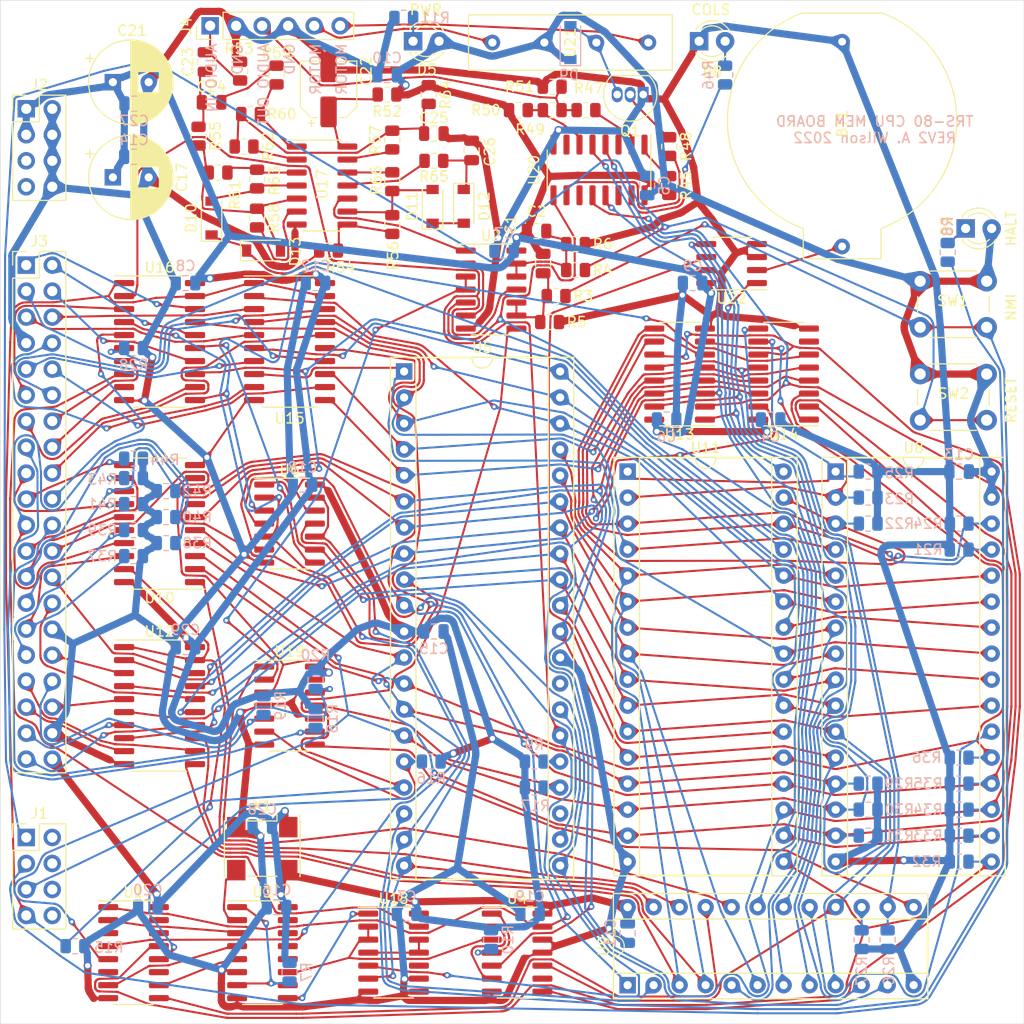
<source format=kicad_pcb>
(kicad_pcb (version 20171130) (host pcbnew "(5.1.9)-1")
  (layers (0 F.Cu signal) (31 B.Cu signal) (34 B.Paste user) (35 F.Paste user) (36 B.SilkS user) (37 F.SilkS user) (38 B.Mask user) (39 F.Mask user) (44 Edge.Cuts user))
  (net 0 "")
  (net 1 +5V)
  (net 2 F_A2)
  (net 3 GND)
  (net 4 F_A6)
  (net 5 F_A5)
  (net 6 F_A7)
  (net 7 ~WAIT~)
  (net 8 F_A3)
  (net 9 F_A4)
  (net 10 F_D2)
  (net 11 CLK)
  (net 12 F_D0)
  (net 13 F_A1)
  (net 14 F_D5)
  (net 15 F_A0)
  (net 16 F_D3)
  (net 17 F_D6)
  (net 18 ~INT~)
  (net 19 F_D1)
  (net 20 ~IN~)
  (net 21 F_D7)
  (net 22 F_A9)
  (net 23 F_D4)
  (net 24 ~READ~)
  (net 25 ~WRITE~)
  (net 26 ~INTAK~)
  (net 27 F_A8)
  (net 28 ~OUT~)
  (net 29 F_A11)
  (net 30 F_A14)
  (net 31 F_A15)
  (net 32 F_A12)
  (net 33 F_A13)
  (net 34 ~EXMEM~)
  (net 35 F_A10)
  (net 36 ~MREQ~)
  (net 37 ~SYSRES~)
  (net 38 S0)
  (net 39 S1)
  (net 40 S2)
  (net 41 S3)
  (net 42 S4)
  (net 43 RAM~ROM~)
  (net 44 D0)
  (net 45 D1)
  (net 46 D2)
  (net 47 D3)
  (net 48 D4)
  (net 49 D5)
  (net 50 D6)
  (net 51 D7)
  (net 52 "Net-(C2-Pad2)")
  (net 53 "Net-(C1-Pad2)")
  (net 54 ~BankSel~)
  (net 55 A10)
  (net 56 ~IORQ~)
  (net 57 A9)
  (net 58 A8)
  (net 59 "Net-(R8-Pad1)")
  (net 60 A7)
  (net 61 A6)
  (net 62 A5)
  (net 63 A4)
  (net 64 A3)
  (net 65 A2)
  (net 66 A1)
  (net 67 A0)
  (net 68 M1)
  (net 69 A15)
  (net 70 A14)
  (net 71 A13)
  (net 72 ~WR~)
  (net 73 A12)
  (net 74 ~RD~)
  (net 75 A11)
  (net 76 ~F_WAIT~)
  (net 77 ~F_INT~)
  (net 78 ~F_IN~)
  (net 79 ~F_READ~)
  (net 80 ~F_INUSE~)
  (net 81 ~F_WRITE~)
  (net 82 ~F_INTAK~)
  (net 83 ~F_OUT~)
  (net 84 ~F_EXMEM~)
  (net 85 ~F_MREQ~)
  (net 86 ~F_SYSRES~)
  (net 87 "Net-(R7-Pad1)")
  (net 88 ~INUSE~)
  (net 89 MEMCHIP)
  (net 90 ~BUSBUF~)
  (net 91 ~ROM0~)
  (net 92 ~RAM0~)
  (net 93 "Net-(J1-Pad5)")
  (net 94 "Net-(J1-Pad3)")
  (net 95 "Net-(J1-Pad1)")
  (net 96 "Net-(BT1-Pad1)")
  (net 97 "Net-(D3-Pad1)")
  (net 98 "Net-(D5-Pad1)")
  (net 99 "Net-(D10-Pad1)")
  (net 100 BUSISO)
  (net 101 "Net-(R9-Pad1)")
  (net 102 "Net-(R10-Pad1)")
  (net 103 CLKD2)
  (net 104 CLKDIV)
  (net 105 CLKD1)
  (net 106 CLKD0)
  (net 107 "Net-(U2-Pad2)")
  (net 108 "Net-(U19-Pad2)")
  (net 109 "Net-(U18-Pad2)")
  (net 110 "Net-(U18-Pad1)")
  (net 111 "Net-(U3-Pad2)")
  (net 112 "Net-(U13-Pad11)")
  (net 113 "Net-(U4-Pad2)")
  (net 114 "Net-(U18-Pad11)")
  (net 115 "Net-(C22-Pad1)")
  (net 116 "Net-(D8-Pad2)")
  (net 117 "Net-(D9-Pad2)")
  (net 118 "Net-(Q1-Pad2)")
  (net 119 "Net-(R45-Pad1)")
  (net 120 "Net-(R46-Pad2)")
  (net 121 CASSAOUT)
  (net 122 "Net-(R47-Pad1)")
  (net 123 "Net-(R48-Pad2)")
  (net 124 "Net-(R49-Pad2)")
  (net 125 CASSOUT)
  (net 126 CASIND)
  (net 127 CASSIN)
  (net 128 CASSAIN)
  (net 129 "Net-(C23-Pad1)")
  (net 130 "Net-(C24-Pad2)")
  (net 131 "Net-(C25-Pad1)")
  (net 132 "Net-(C26-Pad1)")
  (net 133 C2OUT)
  (net 134 C3OUT)
  (net 135 "Net-(D11-Pad1)")
  (net 136 C1OUT)
  (net 137 C3INN)
  (net 138 C3INP)
  (net 139 C1INN)
  (net 140 C1INP)
  (net 141 C2INN)
  (net 142 C2INP)
  (net 143 C4INN)
  (net 144 C4INP)
  (net 145 CASS_SW1)
  (net 146 CASS_SW2)
  (net 147 BB_CE)
  (net 148 BB_VCC)
  (module Capacitor_SMD:C_0805_2012Metric (layer B.Cu) (at 38.1 83.185 180)
    (fp_text reference C29 (at 0 1.68) (layer B.SilkS) (effects (justify mirror)))
    (fp_text value 100n)
    (pad 2 smd roundrect (at 0.95 0 180) (size 1 1.45) (layers B.Cu B.Paste B.Mask) (net 3 GND))
    (pad 1 smd roundrect (at -0.95 0 180) (size 1 1.45) (layers B.Cu B.Paste B.Mask) (net 1 +5V))
  )
  (module Capacitor_SMD:C_0805_2012Metric (layer B.Cu) (at 45.593 100.711 180)
    (fp_text reference C28 (at 0 1.68) (layer B.SilkS) (effects (justify mirror)))
    (fp_text value 100n)
    (pad 2 smd roundrect (at 0.95 0 180) (size 1 1.45) (layers B.Cu B.Paste B.Mask) (net 3 GND))
    (pad 1 smd roundrect (at -0.95 0 180) (size 1 1.45) (layers B.Cu B.Paste B.Mask) (net 1 +5V))
  )
  (module Capacitor_SMD:C_0805_2012Metric (layer B.Cu) (at 33.081 30.099)
    (fp_text reference C27 (at 0 1.68) (layer B.SilkS) (effects (justify mirror)))
    (fp_text value 100n)
    (pad 2 smd roundrect (at 0.95 0) (size 1 1.45) (layers B.Cu B.Paste B.Mask) (net 3 GND))
    (pad 1 smd roundrect (at -0.95 0) (size 1 1.45) (layers B.Cu B.Paste B.Mask) (net 1 +5V))
  )
  (module Capacitor_SMD:C_0805_2012Metric (layer B.Cu) (at 34.417 108.585 180)
    (fp_text reference C20 (at 0 1.68) (layer B.SilkS) (effects (justify mirror)))
    (fp_text value 100n)
    (pad 2 smd roundrect (at 0.95 0 180) (size 1 1.45) (layers B.Cu B.Paste B.Mask) (net 3 GND))
    (pad 1 smd roundrect (at -0.95 0 180) (size 1 1.45) (layers B.Cu B.Paste B.Mask) (net 1 +5V))
  )
  (module Capacitor_SMD:C_0805_2012Metric (layer B.Cu) (at 71.755 109.22 180)
    (fp_text reference C19 (at 0 1.68) (layer B.SilkS) (effects (justify mirror)))
    (fp_text value 100n)
    (pad 2 smd roundrect (at 0.95 0 180) (size 1 1.45) (layers B.Cu B.Paste B.Mask) (net 3 GND))
    (pad 1 smd roundrect (at -0.95 0 180) (size 1 1.45) (layers B.Cu B.Paste B.Mask) (net 1 +5V))
  )
  (module Capacitor_SMD:C_0805_2012Metric (layer B.Cu) (at 49.53 67.31 180)
    (fp_text reference C18 (at 0 1.68) (layer B.SilkS) (effects (justify mirror)))
    (fp_text value 100n)
    (pad 2 smd roundrect (at 0.95 0 180) (size 1 1.45) (layers B.Cu B.Paste B.Mask) (net 3 GND))
    (pad 1 smd roundrect (at -0.95 0 180) (size 1 1.45) (layers B.Cu B.Paste B.Mask) (net 1 +5V))
  )
  (module Capacitor_SMD:C_0805_2012Metric (layer B.Cu) (at 46.99 108.585 180)
    (fp_text reference C16 (at 0 1.68) (layer B.SilkS) (effects (justify mirror)))
    (fp_text value 100n)
    (pad 2 smd roundrect (at 0.95 0 180) (size 1 1.45) (layers B.Cu B.Paste B.Mask) (net 3 GND))
    (pad 1 smd roundrect (at -0.95 0 180) (size 1 1.45) (layers B.Cu B.Paste B.Mask) (net 1 +5V))
  )
  (module Capacitor_SMD:C_0805_2012Metric (layer B.Cu) (at 62.357 81.661)
    (fp_text reference C15 (at 0 1.68) (layer B.SilkS) (effects (justify mirror)))
    (fp_text value 100n)
    (pad 2 smd roundrect (at 0.95 0) (size 1 1.45) (layers B.Cu B.Paste B.Mask) (net 3 GND))
    (pad 1 smd roundrect (at -0.95 0) (size 1 1.45) (layers B.Cu B.Paste B.Mask) (net 1 +5V))
  )
  (module Capacitor_SMD:C_0805_2012Metric (layer B.Cu) (at 113.665 66.04 180)
    (fp_text reference C13 (at 0 1.68) (layer B.SilkS) (effects (justify mirror)))
    (fp_text value 100n)
    (pad 2 smd roundrect (at 0.95 0 180) (size 1 1.45) (layers B.Cu B.Paste B.Mask) (net 3 GND))
    (pad 1 smd roundrect (at -0.95 0 180) (size 1 1.45) (layers B.Cu B.Paste B.Mask) (net 1 +5V))
  )
  (module Capacitor_SMD:C_0805_2012Metric (layer B.Cu) (at 50.8 47.625 180)
    (fp_text reference C12 (at 0 1.68) (layer B.SilkS) (effects (justify mirror)))
    (fp_text value 100n)
    (pad 2 smd roundrect (at 0.95 0 180) (size 1 1.45) (layers B.Cu B.Paste B.Mask) (net 3 GND))
    (pad 1 smd roundrect (at -0.95 0 180) (size 1 1.45) (layers B.Cu B.Paste B.Mask) (net 1 +5V))
  )
  (module Capacitor_SMD:C_0805_2012Metric (layer B.Cu) (at 81.28 111.125 270)
    (fp_text reference C11 (at 0 1.68 90) (layer B.SilkS) (effects (justify mirror)))
    (fp_text value 100n)
    (pad 2 smd roundrect (at 0.95 0 270) (size 1 1.45) (layers B.Cu B.Paste B.Mask) (net 3 GND))
    (pad 1 smd roundrect (at -0.95 0 270) (size 1 1.45) (layers B.Cu B.Paste B.Mask) (net 1 +5V))
  )
  (module Capacitor_SMD:C_0805_2012Metric (layer B.Cu) (at 57.785 27.305 180)
    (fp_text reference C10 (at 0 1.68) (layer B.SilkS) (effects (justify mirror)))
    (fp_text value 100n)
    (pad 2 smd roundrect (at 0.95 0 180) (size 1 1.45) (layers B.Cu B.Paste B.Mask) (net 3 GND))
    (pad 1 smd roundrect (at -0.95 0 180) (size 1 1.45) (layers B.Cu B.Paste B.Mask) (net 1 +5V))
  )
  (module Capacitor_SMD:C_0805_2012Metric (layer B.Cu) (at 87.63 47.625 180)
    (fp_text reference C9 (at 0 1.68) (layer B.SilkS) (effects (justify mirror)))
    (fp_text value 100n)
    (pad 2 smd roundrect (at 0.95 0 180) (size 1 1.45) (layers B.Cu B.Paste B.Mask) (net 3 GND))
    (pad 1 smd roundrect (at -0.95 0 180) (size 1 1.45) (layers B.Cu B.Paste B.Mask) (net 1 +5V))
  )
  (module Capacitor_SMD:C_0805_2012Metric (layer B.Cu) (at 38.1 47.625 180)
    (fp_text reference C8 (at 0 1.68) (layer B.SilkS) (effects (justify mirror)))
    (fp_text value 100n)
    (pad 2 smd roundrect (at 0.95 0 180) (size 1 1.45) (layers B.Cu B.Paste B.Mask) (net 3 GND))
    (pad 1 smd roundrect (at -0.95 0 180) (size 1 1.45) (layers B.Cu B.Paste B.Mask) (net 1 +5V))
  )
  (module Capacitor_SMD:C_0805_2012Metric (layer B.Cu) (at 69.215 44.45 180)
    (fp_text reference C7 (at 0 1.68) (layer B.SilkS) (effects (justify mirror)))
    (fp_text value 100n)
    (pad 2 smd roundrect (at 0.95 0 180) (size 1 1.45) (layers B.Cu B.Paste B.Mask) (net 3 GND))
    (pad 1 smd roundrect (at -0.95 0 180) (size 1 1.45) (layers B.Cu B.Paste B.Mask) (net 1 +5V))
  )
  (module Capacitor_SMD:C_0805_2012Metric (layer B.Cu) (at 85.09 60.96)
    (fp_text reference C6 (at 0 1.68) (layer B.SilkS) (effects (justify mirror)))
    (fp_text value 100n)
    (pad 2 smd roundrect (at 0.95 0) (size 1 1.45) (layers B.Cu B.Paste B.Mask) (net 3 GND))
    (pad 1 smd roundrect (at -0.95 0) (size 1 1.45) (layers B.Cu B.Paste B.Mask) (net 1 +5V))
  )
  (module Capacitor_SMD:C_0805_2012Metric (layer B.Cu) (at 83.185 38.1 90)
    (fp_text reference C5 (at 0 1.68 90) (layer B.SilkS) (effects (justify mirror)))
    (fp_text value 100n)
    (pad 2 smd roundrect (at 0.95 0 90) (size 1 1.45) (layers B.Cu B.Paste B.Mask) (net 3 GND))
    (pad 1 smd roundrect (at -0.95 0 90) (size 1 1.45) (layers B.Cu B.Paste B.Mask) (net 1 +5V))
  )
  (module Capacitor_SMD:C_0805_2012Metric (layer B.Cu) (at 95.25 60.96)
    (fp_text reference C4 (at 0 1.68) (layer B.SilkS) (effects (justify mirror)))
    (fp_text value 100n)
    (pad 2 smd roundrect (at 0.95 0) (size 1 1.45) (layers B.Cu B.Paste B.Mask) (net 3 GND))
    (pad 1 smd roundrect (at -0.95 0) (size 1 1.45) (layers B.Cu B.Paste B.Mask) (net 1 +5V))
  )
  (module Capacitor_SMD:C_0805_2012Metric (layer B.Cu) (at 59.69 109.22 180)
    (fp_text reference C3 (at 0 1.68) (layer B.SilkS) (effects (justify mirror)))
    (fp_text value 100n)
    (pad 2 smd roundrect (at 0.95 0 180) (size 1 1.45) (layers B.Cu B.Paste B.Mask) (net 3 GND))
    (pad 1 smd roundrect (at -0.95 0 180) (size 1 1.45) (layers B.Cu B.Paste B.Mask) (net 1 +5V))
  )
  (module Package_SO:SOIC-8_3.9x4.9mm_P1.27mm (layer F.Cu) (at 91.44 45.72 180)
    (fp_text reference U22 (at 0 -3.4) (layer F.SilkS))
    (fp_text value DS1210)
    (pad 8 smd roundrect (at 2.475 -1.905 180) (size 1.95 0.6) (layers F.Cu F.Paste F.Mask) (net 1 +5V))
    (pad 7 smd roundrect (at 2.475 -0.635 180) (size 1.95 0.6) (layers F.Cu F.Paste F.Mask) (net 3 GND))
    (pad 6 smd roundrect (at 2.475 0.635 180) (size 1.95 0.6) (layers F.Cu F.Paste F.Mask) (net 147 BB_CE))
    (pad 5 smd roundrect (at 2.475 1.905 180) (size 1.95 0.6) (layers F.Cu F.Paste F.Mask) (net 92 ~RAM0~))
    (pad 4 smd roundrect (at -2.475 1.905 180) (size 1.95 0.6) (layers F.Cu F.Paste F.Mask) (net 3 GND))
    (pad 3 smd roundrect (at -2.475 0.635 180) (size 1.95 0.6) (layers F.Cu F.Paste F.Mask) (net 3 GND))
    (pad 2 smd roundrect (at -2.475 -0.635 180) (size 1.95 0.6) (layers F.Cu F.Paste F.Mask) (net 96 "Net-(BT1-Pad1)"))
    (pad 1 smd roundrect (at -2.475 -1.905 180) (size 1.95 0.6) (layers F.Cu F.Paste F.Mask) (net 148 BB_VCC))
  )
  (module wilson-z80:BS-01-A4CJ004 (layer F.Cu) (at 102.235 31.75 270)
    (fp_text reference BT1 (at 0.3 0 90) (layer F.SilkS))
    (fp_text value Battery_Cell)
    (pad 1 thru_hole circle (at 12.3 0 270) (size 1.524 1.524) (drill 0.762) (layers *.Cu *.Mask) (net 96 "Net-(BT1-Pad1)"))
    (pad 2 thru_hole circle (at -7.7 0 270) (size 1.524 1.524) (drill 0.762) (layers *.Cu *.Mask) (net 3 GND))
  )
  (module Connector_PinHeader_2.54mm:PinHeader_1x06_P2.54mm_Vertical (layer F.Cu) (at 40.5 22.5 90)
    (fp_text reference J4 (at 0 -2.33 90) (layer F.SilkS))
    (fp_text value Conn_01x06_Male)
    (pad 6 thru_hole oval (at 0 12.7 90) (size 1.7 1.7) (drill 1) (layers *.Cu *.Mask) (net 145 CASS_SW1))
    (pad 5 thru_hole oval (at 0 10.16 90) (size 1.7 1.7) (drill 1) (layers *.Cu *.Mask) (net 146 CASS_SW2))
    (pad 4 thru_hole oval (at 0 7.62 90) (size 1.7 1.7) (drill 1) (layers *.Cu *.Mask) (net 3 GND))
    (pad 3 thru_hole oval (at 0 5.08 90) (size 1.7 1.7) (drill 1) (layers *.Cu *.Mask) (net 121 CASSAOUT))
    (pad 2 thru_hole oval (at 0 2.54 90) (size 1.7 1.7) (drill 1) (layers *.Cu *.Mask) (net 3 GND))
    (pad 1 thru_hole rect (at 0 0 90) (size 1.7 1.7) (drill 1) (layers *.Cu *.Mask) (net 128 CASSAIN))
  )
  (module Resistor_SMD:R_0805_2012Metric (layer F.Cu) (at 58.293 37.719 270)
    (fp_text reference R66 (at -0.127 1.5494 90) (layer F.SilkS))
    (fp_text value 470K)
    (pad 2 smd roundrect (at 0.9125 0 270) (size 1.025 1.4) (layers F.Cu F.Paste F.Mask) (roundrect_rratio 0.2439014634146341) (net 134 C3OUT))
    (pad 1 smd roundrect (at -0.9125 0 270) (size 1.025 1.4) (layers F.Cu F.Paste F.Mask) (roundrect_rratio 0.2439014634146341) (net 144 C4INP))
  )
  (module Resistor_SMD:R_0805_2012Metric (layer F.Cu) (at 62.357 35.687)
    (fp_text reference R65 (at 0 1.524) (layer F.SilkS))
    (fp_text value 470K)
    (pad 2 smd roundrect (at 0.9125 0) (size 1.025 1.4) (layers F.Cu F.Paste F.Mask) (roundrect_rratio 0.2439014634146341) (net 132 "Net-(C26-Pad1)"))
    (pad 1 smd roundrect (at -0.9125 0) (size 1.025 1.4) (layers F.Cu F.Paste F.Mask) (roundrect_rratio 0.2439014634146341) (net 143 C4INN))
  )
  (module Resistor_SMD:R_0805_2012Metric (layer F.Cu) (at 61.849 29.21 270)
    (fp_text reference R64 (at 0 -1.65 90) (layer F.SilkS))
    (fp_text value 10K)
    (pad 2 smd roundrect (at 0.9125 0 270) (size 1.025 1.4) (layers F.Cu F.Paste F.Mask) (roundrect_rratio 0.2439014634146341) (net 131 "Net-(C25-Pad1)"))
    (pad 1 smd roundrect (at -0.9125 0 270) (size 1.025 1.4) (layers F.Cu F.Paste F.Mask) (roundrect_rratio 0.2439014634146341) (net 1 +5V))
  )
  (module Resistor_SMD:R_0805_2012Metric (layer F.Cu) (at 45.085 37.465 270)
    (fp_text reference R63 (at 0.1778 -1.7018 90) (layer F.SilkS))
    (fp_text value 470K)
    (pad 2 smd roundrect (at 0.9125 0 270) (size 1.025 1.4) (layers F.Cu F.Paste F.Mask) (roundrect_rratio 0.2439014634146341) (net 133 C2OUT))
    (pad 1 smd roundrect (at -0.9125 0 270) (size 1.025 1.4) (layers F.Cu F.Paste F.Mask) (roundrect_rratio 0.2439014634146341) (net 141 C2INN))
  )
  (module Resistor_SMD:R_0805_2012Metric (layer F.Cu) (at 43.815 34.29 180)
    (fp_text reference R62 (at -2.3622 0 90) (layer F.SilkS))
    (fp_text value 680K)
    (pad 2 smd roundrect (at 0.9125 0 180) (size 1.025 1.4) (layers F.Cu F.Paste F.Mask) (roundrect_rratio 0.2439014634146341) (net 131 "Net-(C25-Pad1)"))
    (pad 1 smd roundrect (at -0.9125 0 180) (size 1.025 1.4) (layers F.Cu F.Paste F.Mask) (roundrect_rratio 0.2439014634146341) (net 142 C2INP))
  )
  (module Resistor_SMD:R_0805_2012Metric (layer F.Cu) (at 41.275 36.83)
    (fp_text reference R61 (at 1.651 2.1844 90) (layer F.SilkS))
    (fp_text value 470K)
    (pad 2 smd roundrect (at 0.9125 0) (size 1.025 1.4) (layers F.Cu F.Paste F.Mask) (roundrect_rratio 0.2439014634146341) (net 141 C2INN))
    (pad 1 smd roundrect (at -0.9125 0) (size 1.025 1.4) (layers F.Cu F.Paste F.Mask) (roundrect_rratio 0.2439014634146341) (net 136 C1OUT))
  )
  (module Resistor_SMD:R_0805_2012Metric (layer F.Cu) (at 44.45 31.115)
    (fp_text reference R60 (at 3.048 0) (layer F.SilkS))
    (fp_text value 1.8M)
    (pad 2 smd roundrect (at 0.9125 0) (size 1.025 1.4) (layers F.Cu F.Paste F.Mask) (roundrect_rratio 0.2439014634146341) (net 140 C1INP))
    (pad 1 smd roundrect (at -0.9125 0) (size 1.025 1.4) (layers F.Cu F.Paste F.Mask) (roundrect_rratio 0.2439014634146341) (net 131 "Net-(C25-Pad1)"))
  )
  (module Resistor_SMD:R_0805_2012Metric (layer F.Cu) (at 46.99 27.305 90)
    (fp_text reference R59 (at 2.159 0 180) (layer F.SilkS))
    (fp_text value 360K)
    (pad 2 smd roundrect (at 0.9125 0 90) (size 1.025 1.4) (layers F.Cu F.Paste F.Mask) (roundrect_rratio 0.2439014634146341) (net 130 "Net-(C24-Pad2)"))
    (pad 1 smd roundrect (at -0.9125 0 90) (size 1.025 1.4) (layers F.Cu F.Paste F.Mask) (roundrect_rratio 0.2439014634146341) (net 140 C1INP))
  )
  (module Resistor_SMD:R_0805_2012Metric (layer F.Cu) (at 45.085 41.275 270)
    (fp_text reference R58 (at 0 -1.65 90) (layer F.SilkS))
    (fp_text value 560K)
    (pad 2 smd roundrect (at 0.9125 0 270) (size 1.025 1.4) (layers F.Cu F.Paste F.Mask) (roundrect_rratio 0.2439014634146341) (net 139 C1INN))
    (pad 1 smd roundrect (at -0.9125 0 270) (size 1.025 1.4) (layers F.Cu F.Paste F.Mask) (roundrect_rratio 0.2439014634146341) (net 136 C1OUT))
  )
  (module Resistor_SMD:R_0805_2012Metric (layer F.Cu) (at 58.293 33.655 270)
    (fp_text reference R57 (at 0 1.651 90) (layer F.SilkS))
    (fp_text value 1M)
    (pad 2 smd roundrect (at 0.9125 0 270) (size 1.025 1.4) (layers F.Cu F.Paste F.Mask) (roundrect_rratio 0.2439014634146341) (net 138 C3INP))
    (pad 1 smd roundrect (at -0.9125 0 270) (size 1.025 1.4) (layers F.Cu F.Paste F.Mask) (roundrect_rratio 0.2439014634146341) (net 131 "Net-(C25-Pad1)"))
  )
  (module Resistor_SMD:R_0805_2012Metric (layer F.Cu) (at 58.293 41.91 90)
    (fp_text reference R56 (at -3.048 0.0762 90) (layer F.SilkS))
    (fp_text value 1M)
    (pad 2 smd roundrect (at 0.9125 0 90) (size 1.025 1.4) (layers F.Cu F.Paste F.Mask) (roundrect_rratio 0.2439014634146341) (net 134 C3OUT))
    (pad 1 smd roundrect (at -0.9125 0 90) (size 1.025 1.4) (layers F.Cu F.Paste F.Mask) (roundrect_rratio 0.2439014634146341) (net 137 C3INN))
  )
  (module Resistor_SMD:R_0805_2012Metric (layer F.Cu) (at 39.37 33.274 270)
    (fp_text reference R55 (at 0 -1.65 90) (layer F.SilkS))
    (fp_text value 360K)
    (pad 2 smd roundrect (at 0.9125 0 270) (size 1.025 1.4) (layers F.Cu F.Paste F.Mask) (roundrect_rratio 0.2439014634146341) (net 136 C1OUT))
    (pad 1 smd roundrect (at -0.9125 0 270) (size 1.025 1.4) (layers F.Cu F.Paste F.Mask) (roundrect_rratio 0.2439014634146341) (net 129 "Net-(C23-Pad1)"))
  )
  (module Resistor_SMD:R_0805_2012Metric (layer F.Cu) (at 52.07 44.45)
    (fp_text reference R54 (at 1.143 1.651) (layer F.SilkS))
    (fp_text value 470K)
    (pad 2 smd roundrect (at 0.9125 0) (size 1.025 1.4) (layers F.Cu F.Paste F.Mask) (roundrect_rratio 0.2439014634146341) (net 137 C3INN))
    (pad 1 smd roundrect (at -0.9125 0) (size 1.025 1.4) (layers F.Cu F.Paste F.Mask) (roundrect_rratio 0.2439014634146341) (net 99 "Net-(D10-Pad1)"))
  )
  (module Resistor_SMD:R_0805_2012Metric (layer F.Cu) (at 43.434 26.924 90)
    (fp_text reference R53 (at 2.1844 -0.1016 180) (layer F.SilkS))
    (fp_text value 100)
    (pad 2 smd roundrect (at 0.9125 0 90) (size 1.025 1.4) (layers F.Cu F.Paste F.Mask) (roundrect_rratio 0.2439014634146341) (net 3 GND))
    (pad 1 smd roundrect (at -0.9125 0 90) (size 1.025 1.4) (layers F.Cu F.Paste F.Mask) (roundrect_rratio 0.2439014634146341) (net 128 CASSAIN))
  )
  (module Diode_SMD:D_SOD-123 (layer F.Cu) (at 45.72 44.45)
    (fp_text reference D13 (at 3.0988 0.1016 90) (layer F.SilkS))
    (fp_text value 1N4148)
    (pad 2 smd rect (at 1.65 0) (size 0.9 1.2) (layers F.Cu F.Paste F.Mask) (net 136 C1OUT))
    (pad 1 smd rect (at -1.65 0) (size 0.9 1.2) (layers F.Cu F.Paste F.Mask) (net 99 "Net-(D10-Pad1)"))
  )
  (module Diode_SMD:D_SOD-123 (layer F.Cu) (at 65.278 40.132 270)
    (fp_text reference D12 (at 0 -2 90) (layer F.SilkS))
    (fp_text value 1N4148)
    (pad 2 smd rect (at 1.65 0 270) (size 0.9 1.2) (layers F.Cu F.Paste F.Mask) (net 135 "Net-(D11-Pad1)"))
    (pad 1 smd rect (at -1.65 0 270) (size 0.9 1.2) (layers F.Cu F.Paste F.Mask) (net 132 "Net-(C26-Pad1)"))
  )
  (module Diode_SMD:D_SOD-123 (layer F.Cu) (at 62.23 40.132 90)
    (fp_text reference D11 (at 0 -2 90) (layer F.SilkS))
    (fp_text value 1N4148)
    (pad 2 smd rect (at 1.65 0 90) (size 0.9 1.2) (layers F.Cu F.Paste F.Mask) (net 134 C3OUT))
    (pad 1 smd rect (at -1.65 0 90) (size 0.9 1.2) (layers F.Cu F.Paste F.Mask) (net 135 "Net-(D11-Pad1)"))
  )
  (module Capacitor_SMD:C_0805_2012Metric (layer F.Cu) (at 66.04 34.671 90)
    (fp_text reference C26 (at -0.127 1.778 90) (layer F.SilkS))
    (fp_text value 10uF)
    (pad 2 smd roundrect (at 0.95 0 90) (size 1 1.45) (layers F.Cu F.Paste F.Mask) (net 3 GND))
    (pad 1 smd roundrect (at -0.95 0 90) (size 1 1.45) (layers F.Cu F.Paste F.Mask) (net 132 "Net-(C26-Pad1)"))
  )
  (module Capacitor_SMD:C_0805_2012Metric (layer F.Cu) (at 62.357 33.02)
    (fp_text reference C25 (at 0 -1.524) (layer F.SilkS))
    (fp_text value 10uF)
    (pad 2 smd roundrect (at 0.95 0) (size 1 1.45) (layers F.Cu F.Paste F.Mask) (net 3 GND))
    (pad 1 smd roundrect (at -0.95 0) (size 1 1.45) (layers F.Cu F.Paste F.Mask) (net 131 "Net-(C25-Pad1)"))
  )
  (module Capacitor_SMD:C_0805_2012Metric (layer F.Cu) (at 40.64 29.972)
    (fp_text reference C24 (at 0 -1.524) (layer F.SilkS))
    (fp_text value 220pF)
    (pad 2 smd roundrect (at 0.95 0) (size 1 1.45) (layers F.Cu F.Paste F.Mask) (net 130 "Net-(C24-Pad2)"))
    (pad 1 smd roundrect (at -0.95 0) (size 1 1.45) (layers F.Cu F.Paste F.Mask) (net 129 "Net-(C23-Pad1)"))
  )
  (module Capacitor_SMD:C_0805_2012Metric (layer F.Cu) (at 40.005 26.035 90)
    (fp_text reference C23 (at 0 -1.68 90) (layer F.SilkS))
    (fp_text value 220pF)
    (pad 2 smd roundrect (at 0.95 0 90) (size 1 1.45) (layers F.Cu F.Paste F.Mask) (net 128 CASSAIN))
    (pad 1 smd roundrect (at -0.95 0 90) (size 1 1.45) (layers F.Cu F.Paste F.Mask) (net 129 "Net-(C23-Pad1)"))
  )
  (module wilson-z80:SIP-1A05 (layer F.Cu) (at 75.692 24.13 180)
    (fp_text reference U21 (at 0 0 90) (layer F.SilkS))
    (fp_text value SIP-1A05)
    (pad 1 thru_hole circle (at -7.62 0 180) (size 1.524 1.524) (drill 0.8) (layers *.Cu *.Mask) (net 145 CASS_SW1))
    (pad 4 thru_hole circle (at 7.62 0 180) (size 1.524 1.524) (drill 0.8) (layers *.Cu *.Mask) (net 146 CASS_SW2))
    (pad 3 thru_hole circle (at 2.54 0 180) (size 1.524 1.524) (drill 0.8) (layers *.Cu *.Mask) (net 1 +5V))
    (pad 2 thru_hole circle (at -2.54 0 180) (size 1.524 1.524) (drill 0.8) (layers *.Cu *.Mask) (net 117 "Net-(D9-Pad2)"))
  )
  (module Package_SO:SOIC-16_3.9x9.9mm_P1.27mm (layer F.Cu) (at 78.486 36.576 270)
    (fp_text reference U20 (at 0 6.35 90) (layer F.SilkS))
    (fp_text value 74LS175)
    (pad 16 smd roundrect (at 2.475 -4.445 270) (size 1.95 0.6) (layers F.Cu F.Paste F.Mask) (net 1 +5V))
    (pad 15 smd roundrect (at 2.475 -3.175 270) (size 1.95 0.6) (layers F.Cu F.Paste F.Mask) (net 120 "Net-(R46-Pad2)"))
    (pad 14 smd roundrect (at 2.475 -1.905 270) (size 1.95 0.6) (layers F.Cu F.Paste F.Mask))
    (pad 13 smd roundrect (at 2.475 -0.635 270) (size 1.95 0.6) (layers F.Cu F.Paste F.Mask) (net 47 D3))
    (pad 12 smd roundrect (at 2.475 0.635 270) (size 1.95 0.6) (layers F.Cu F.Paste F.Mask) (net 46 D2))
    (pad 11 smd roundrect (at 2.475 1.905 270) (size 1.95 0.6) (layers F.Cu F.Paste F.Mask))
    (pad 10 smd roundrect (at 2.475 3.175 270) (size 1.95 0.6) (layers F.Cu F.Paste F.Mask) (net 123 "Net-(R48-Pad2)"))
    (pad 9 smd roundrect (at 2.475 4.445 270) (size 1.95 0.6) (layers F.Cu F.Paste F.Mask) (net 125 CASSOUT))
    (pad 8 smd roundrect (at -2.475 4.445 270) (size 1.95 0.6) (layers F.Cu F.Paste F.Mask) (net 3 GND))
    (pad 7 smd roundrect (at -2.475 3.175 270) (size 1.95 0.6) (layers F.Cu F.Paste F.Mask))
    (pad 6 smd roundrect (at -2.475 1.905 270) (size 1.95 0.6) (layers F.Cu F.Paste F.Mask) (net 124 "Net-(R49-Pad2)"))
    (pad 5 smd roundrect (at -2.475 0.635 270) (size 1.95 0.6) (layers F.Cu F.Paste F.Mask) (net 45 D1))
    (pad 4 smd roundrect (at -2.475 -0.635 270) (size 1.95 0.6) (layers F.Cu F.Paste F.Mask) (net 44 D0))
    (pad 3 smd roundrect (at -2.475 -1.905 270) (size 1.95 0.6) (layers F.Cu F.Paste F.Mask))
    (pad 2 smd roundrect (at -2.475 -3.175 270) (size 1.95 0.6) (layers F.Cu F.Paste F.Mask) (net 122 "Net-(R47-Pad1)"))
    (pad 1 smd roundrect (at -2.475 -4.445 270) (size 1.95 0.6) (layers F.Cu F.Paste F.Mask) (net 119 "Net-(R45-Pad1)"))
  )
  (module Resistor_SMD:R_0805_2012Metric (layer F.Cu) (at 57.785 29.21 180)
    (fp_text reference R52 (at 0 -1.65) (layer F.SilkS))
    (fp_text value 10)
    (pad 2 smd roundrect (at 0.9125 0 180) (size 1.025 1.4) (layers F.Cu F.Paste F.Mask) (roundrect_rratio 0.2439014634146341) (net 115 "Net-(C22-Pad1)"))
    (pad 1 smd roundrect (at -0.9125 0 180) (size 1.025 1.4) (layers F.Cu F.Paste F.Mask) (roundrect_rratio 0.2439014634146341) (net 1 +5V))
  )
  (module Resistor_SMD:R_0805_2012Metric (layer F.Cu) (at 73.914 28.448)
    (fp_text reference R51 (at -3.175 0) (layer F.SilkS))
    (fp_text value 1.2K)
    (pad 2 smd roundrect (at 0.9125 0) (size 1.025 1.4) (layers F.Cu F.Paste F.Mask) (roundrect_rratio 0.2439014634146341) (net 121 CASSAOUT))
    (pad 1 smd roundrect (at -0.9125 0) (size 1.025 1.4) (layers F.Cu F.Paste F.Mask) (roundrect_rratio 0.2439014634146341) (net 3 GND))
  )
  (module Resistor_SMD:R_0805_2012Metric (layer F.Cu) (at 70.612 30.734)
    (fp_text reference R50 (at -3.175 0) (layer F.SilkS))
    (fp_text value 220K)
    (pad 2 smd roundrect (at 0.9125 0) (size 1.025 1.4) (layers F.Cu F.Paste F.Mask) (roundrect_rratio 0.2439014634146341) (net 124 "Net-(R49-Pad2)"))
    (pad 1 smd roundrect (at -0.9125 0) (size 1.025 1.4) (layers F.Cu F.Paste F.Mask) (roundrect_rratio 0.2439014634146341) (net 1 +5V))
  )
  (module Resistor_SMD:R_0805_2012Metric (layer F.Cu) (at 73.914 30.734 180)
    (fp_text reference R49 (at 2.159 -1.905) (layer F.SilkS))
    (fp_text value 7k5)
    (pad 2 smd roundrect (at 0.9125 0 180) (size 1.025 1.4) (layers F.Cu F.Paste F.Mask) (roundrect_rratio 0.2439014634146341) (net 124 "Net-(R49-Pad2)"))
    (pad 1 smd roundrect (at -0.9125 0 180) (size 1.025 1.4) (layers F.Cu F.Paste F.Mask) (roundrect_rratio 0.2439014634146341) (net 121 CASSAOUT))
  )
  (module Resistor_SMD:R_0805_2012Metric (layer F.Cu) (at 85.344 34.29 270)
    (fp_text reference R48 (at 0 -1.65 270) (layer F.SilkS))
    (fp_text value 1K)
    (pad 2 smd roundrect (at 0.9125 0 270) (size 1.025 1.4) (layers F.Cu F.Paste F.Mask) (roundrect_rratio 0.2439014634146341) (net 123 "Net-(R48-Pad2)"))
    (pad 1 smd roundrect (at -0.9125 0 270) (size 1.025 1.4) (layers F.Cu F.Paste F.Mask) (roundrect_rratio 0.2439014634146341) (net 118 "Net-(Q1-Pad2)"))
  )
  (module Resistor_SMD:R_0805_2012Metric (layer F.Cu) (at 77.216 30.734 180)
    (fp_text reference R47 (at -0.254 2.159) (layer F.SilkS))
    (fp_text value 7k5)
    (pad 2 smd roundrect (at 0.9125 0 180) (size 1.025 1.4) (layers F.Cu F.Paste F.Mask) (roundrect_rratio 0.2439014634146341) (net 121 CASSAOUT))
    (pad 1 smd roundrect (at -0.9125 0 180) (size 1.025 1.4) (layers F.Cu F.Paste F.Mask) (roundrect_rratio 0.2439014634146341) (net 122 "Net-(R47-Pad1)"))
  )
  (module Resistor_SMD:R_0805_2012Metric (layer B.Cu) (at 90.805 27.305 270)
    (fp_text reference R46 (at 0 1.65 90) (layer B.SilkS) (effects (justify mirror)))
    (fp_text value 1K)
    (pad 2 smd roundrect (at 0.9125 0 270) (size 1.025 1.4) (layers B.Cu B.Paste B.Mask) (roundrect_rratio 0.2439014634146341) (net 120 "Net-(R46-Pad2)"))
    (pad 1 smd roundrect (at -0.9125 0 270) (size 1.025 1.4) (layers B.Cu B.Paste B.Mask) (roundrect_rratio 0.2439014634146341) (net 116 "Net-(D8-Pad2)"))
  )
  (module Resistor_SMD:R_0805_2012Metric (layer F.Cu) (at 85.344 38.1 270)
    (fp_text reference R45 (at 0 -1.65 90) (layer F.SilkS))
    (fp_text value 4k7)
    (pad 2 smd roundrect (at 0.9125 0 270) (size 1.025 1.4) (layers F.Cu F.Paste F.Mask) (roundrect_rratio 0.2439014634146341) (net 1 +5V))
    (pad 1 smd roundrect (at -0.9125 0 270) (size 1.025 1.4) (layers F.Cu F.Paste F.Mask) (roundrect_rratio 0.2439014634146341) (net 119 "Net-(R45-Pad1)"))
  )
  (module Package_TO_SOT_THT:TO-92_Inline (layer F.Cu) (at 82.804 29.21 180)
    (fp_text reference Q1 (at 1.27 -3.56) (layer F.SilkS))
    (fp_text value 2N3904)
    (pad 1 thru_hole rect (at 0 0 180) (size 1.05 1.5) (drill 0.75) (layers *.Cu *.Mask) (net 3 GND))
    (pad 3 thru_hole oval (at 2.54 0 180) (size 1.05 1.5) (drill 0.75) (layers *.Cu *.Mask) (net 117 "Net-(D9-Pad2)"))
    (pad 2 thru_hole oval (at 1.27 0 180) (size 1.05 1.5) (drill 0.75) (layers *.Cu *.Mask) (net 118 "Net-(Q1-Pad2)"))
  )
  (module Diode_SMD:D_SOD-123 (layer F.Cu) (at 40.64 41.275 90)
    (fp_text reference D10 (at 0 -2 90) (layer F.SilkS))
    (fp_text value 1N4148)
    (pad 2 smd rect (at 1.65 0 90) (size 0.9 1.2) (layers F.Cu F.Paste F.Mask) (net 133 C2OUT))
    (pad 1 smd rect (at -1.65 0 90) (size 0.9 1.2) (layers F.Cu F.Paste F.Mask) (net 99 "Net-(D10-Pad1)"))
  )
  (module Diode_SMD:D_SOD-123 (layer B.Cu) (at 75.692 24.13 90)
    (fp_text reference D9 (at -3.175 -0.127 180) (layer B.SilkS) (effects (justify mirror)))
    (fp_text value 1N4148)
    (pad 2 smd rect (at 1.65 0 90) (size 0.9 1.2) (layers B.Cu B.Paste B.Mask) (net 117 "Net-(D9-Pad2)"))
    (pad 1 smd rect (at -1.65 0 90) (size 0.9 1.2) (layers B.Cu B.Paste B.Mask) (net 1 +5V))
  )
  (module LED_THT:LED_D3.0mm_FlatTop (layer F.Cu) (at 88.265 24)
    (fp_text reference D8 (at 1.2954 2.9748) (layer F.SilkS))
    (fp_text value COLS (at 1.143 -3.0704) (layer F.SilkS))
    (pad 2 thru_hole circle (at 2.54 0) (size 1.8 1.8) (drill 0.9) (layers *.Cu *.Mask) (net 116 "Net-(D8-Pad2)"))
    (pad 1 thru_hole rect (at 0 0) (size 1.8 1.8) (drill 0.9) (layers *.Cu *.Mask) (net 3 GND))
  )
  (module Capacitor_SMD:CP_Elec_5x5.4 (layer F.Cu) (at 52.07 28.702 90)
    (fp_text reference C22 (at 1.778 3.683 90) (layer F.SilkS))
    (fp_text value 100uF)
    (pad 2 smd roundrect (at 2.2 0 90) (size 3 1.6) (layers F.Cu F.Paste F.Mask) (roundrect_rratio 0.15625) (net 3 GND))
    (pad 1 smd roundrect (at -2.2 0 90) (size 3 1.6) (layers F.Cu F.Paste F.Mask) (roundrect_rratio 0.15625) (net 115 "Net-(C22-Pad1)"))
  )
  (module Package_SO:SOIC-14_3.9x8.7mm_P1.27mm (layer F.Cu) (at 48.26 88.9)
    (fp_text reference U19 (at 0 -5.28) (layer F.SilkS))
    (fp_text value 74LS125)
    (pad 14 smd roundrect (at 2.475 -3.81) (size 1.95 0.6) (layers F.Cu F.Paste F.Mask) (net 1 +5V))
    (pad 13 smd roundrect (at 2.475 -2.54) (size 1.95 0.6) (layers F.Cu F.Paste F.Mask) (net 3 GND))
    (pad 12 smd roundrect (at 2.475 -1.27) (size 1.95 0.6) (layers F.Cu F.Paste F.Mask) (net 76 ~F_WAIT~))
    (pad 11 smd roundrect (at 2.475 0) (size 1.95 0.6) (layers F.Cu F.Paste F.Mask) (net 7 ~WAIT~))
    (pad 10 smd roundrect (at 2.475 1.27) (size 1.95 0.6) (layers F.Cu F.Paste F.Mask) (net 3 GND))
    (pad 9 smd roundrect (at 2.475 2.54) (size 1.95 0.6) (layers F.Cu F.Paste F.Mask) (net 80 ~F_INUSE~))
    (pad 8 smd roundrect (at 2.475 3.81) (size 1.95 0.6) (layers F.Cu F.Paste F.Mask) (net 88 ~INUSE~))
    (pad 7 smd roundrect (at -2.475 3.81) (size 1.95 0.6) (layers F.Cu F.Paste F.Mask) (net 3 GND))
    (pad 6 smd roundrect (at -2.475 2.54) (size 1.95 0.6) (layers F.Cu F.Paste F.Mask) (net 18 ~INT~))
    (pad 5 smd roundrect (at -2.475 1.27) (size 1.95 0.6) (layers F.Cu F.Paste F.Mask) (net 77 ~F_INT~))
    (pad 4 smd roundrect (at -2.475 0) (size 1.95 0.6) (layers F.Cu F.Paste F.Mask) (net 3 GND))
    (pad 3 smd roundrect (at -2.475 -1.27) (size 1.95 0.6) (layers F.Cu F.Paste F.Mask) (net 51 D7))
    (pad 2 smd roundrect (at -2.475 -2.54) (size 1.95 0.6) (layers F.Cu F.Paste F.Mask) (net 108 "Net-(U19-Pad2)"))
    (pad 1 smd roundrect (at -2.475 -3.81) (size 1.95 0.6) (layers F.Cu F.Paste F.Mask) (net 127 CASSIN))
  )
  (module Package_SO:SOIC-14_3.9x8.7mm_P1.27mm (layer F.Cu) (at 58.42 113.03)
    (fp_text reference U18 (at 0 -5.28) (layer F.SilkS))
    (fp_text value 74HCT02)
    (pad 14 smd roundrect (at 2.475 -3.81) (size 1.95 0.6) (layers F.Cu F.Paste F.Mask) (net 1 +5V))
    (pad 13 smd roundrect (at 2.475 -2.54) (size 1.95 0.6) (layers F.Cu F.Paste F.Mask) (net 26 ~INTAK~))
    (pad 12 smd roundrect (at 2.475 -1.27) (size 1.95 0.6) (layers F.Cu F.Paste F.Mask) (net 114 "Net-(U18-Pad11)"))
    (pad 11 smd roundrect (at 2.475 0) (size 1.95 0.6) (layers F.Cu F.Paste F.Mask) (net 114 "Net-(U18-Pad11)"))
    (pad 10 smd roundrect (at 2.475 1.27) (size 1.95 0.6) (layers F.Cu F.Paste F.Mask))
    (pad 9 smd roundrect (at 2.475 2.54) (size 1.95 0.6) (layers F.Cu F.Paste F.Mask) (net 3 GND))
    (pad 8 smd roundrect (at 2.475 3.81) (size 1.95 0.6) (layers F.Cu F.Paste F.Mask) (net 3 GND))
    (pad 7 smd roundrect (at -2.475 3.81) (size 1.95 0.6) (layers F.Cu F.Paste F.Mask) (net 3 GND))
    (pad 6 smd roundrect (at -2.475 2.54) (size 1.95 0.6) (layers F.Cu F.Paste F.Mask) (net 56 ~IORQ~))
    (pad 5 smd roundrect (at -2.475 1.27) (size 1.95 0.6) (layers F.Cu F.Paste F.Mask) (net 68 M1))
    (pad 4 smd roundrect (at -2.475 0) (size 1.95 0.6) (layers F.Cu F.Paste F.Mask) (net 114 "Net-(U18-Pad11)"))
    (pad 3 smd roundrect (at -2.475 -1.27) (size 1.95 0.6) (layers F.Cu F.Paste F.Mask) (net 109 "Net-(U18-Pad2)"))
    (pad 2 smd roundrect (at -2.475 -2.54) (size 1.95 0.6) (layers F.Cu F.Paste F.Mask) (net 109 "Net-(U18-Pad2)"))
    (pad 1 smd roundrect (at -2.475 -3.81) (size 1.95 0.6) (layers F.Cu F.Paste F.Mask) (net 110 "Net-(U18-Pad1)"))
  )
  (module Package_SO:SOIC-14_3.9x8.7mm_P1.27mm (layer F.Cu) (at 51.435 38.1)
    (fp_text reference U17 (at 0 -0.127 90) (layer F.SilkS))
    (fp_text value LM3900D)
    (pad 14 smd roundrect (at 2.475 -3.81) (size 1.95 0.6) (layers F.Cu F.Paste F.Mask) (net 115 "Net-(C22-Pad1)"))
    (pad 13 smd roundrect (at 2.475 -2.54) (size 1.95 0.6) (layers F.Cu F.Paste F.Mask) (net 138 C3INP))
    (pad 12 smd roundrect (at 2.475 -1.27) (size 1.95 0.6) (layers F.Cu F.Paste F.Mask) (net 144 C4INP))
    (pad 11 smd roundrect (at 2.475 0) (size 1.95 0.6) (layers F.Cu F.Paste F.Mask) (net 143 C4INN))
    (pad 10 smd roundrect (at 2.475 1.27) (size 1.95 0.6) (layers F.Cu F.Paste F.Mask) (net 126 CASIND))
    (pad 9 smd roundrect (at 2.475 2.54) (size 1.95 0.6) (layers F.Cu F.Paste F.Mask) (net 134 C3OUT))
    (pad 8 smd roundrect (at 2.475 3.81) (size 1.95 0.6) (layers F.Cu F.Paste F.Mask) (net 137 C3INN))
    (pad 7 smd roundrect (at -2.475 3.81) (size 1.95 0.6) (layers F.Cu F.Paste F.Mask) (net 3 GND))
    (pad 6 smd roundrect (at -2.475 2.54) (size 1.95 0.6) (layers F.Cu F.Paste F.Mask) (net 139 C1INN))
    (pad 5 smd roundrect (at -2.475 1.27) (size 1.95 0.6) (layers F.Cu F.Paste F.Mask) (net 136 C1OUT))
    (pad 4 smd roundrect (at -2.475 0) (size 1.95 0.6) (layers F.Cu F.Paste F.Mask) (net 133 C2OUT))
    (pad 3 smd roundrect (at -2.475 -1.27) (size 1.95 0.6) (layers F.Cu F.Paste F.Mask) (net 141 C2INN))
    (pad 2 smd roundrect (at -2.475 -2.54) (size 1.95 0.6) (layers F.Cu F.Paste F.Mask) (net 142 C2INP))
    (pad 1 smd roundrect (at -2.475 -3.81) (size 1.95 0.6) (layers F.Cu F.Paste F.Mask) (net 140 C1INP))
  )
  (module Resistor_SMD:R_0805_2012Metric (layer B.Cu) (at 33.02 64.77)
    (fp_text reference R44 (at 3.048 0.127) (layer B.SilkS) (effects (justify mirror)))
    (fp_text value 4k7)
    (pad 2 smd roundrect (at 0.9125 0) (size 1.025 1.4) (layers B.Cu B.Paste B.Mask) (roundrect_rratio 0.2439014634146341) (net 3 GND))
    (pad 1 smd roundrect (at -0.9125 0) (size 1.025 1.4) (layers B.Cu B.Paste B.Mask) (roundrect_rratio 0.2439014634146341) (net 21 F_D7))
  )
  (module Resistor_SMD:R_0805_2012Metric (layer B.Cu) (at 33.02 66.675)
    (fp_text reference R43 (at -3.048 0.127) (layer B.SilkS) (effects (justify mirror)))
    (fp_text value 4k7)
    (pad 2 smd roundrect (at 0.9125 0) (size 1.025 1.4) (layers B.Cu B.Paste B.Mask) (roundrect_rratio 0.2439014634146341) (net 3 GND))
    (pad 1 smd roundrect (at -0.9125 0) (size 1.025 1.4) (layers B.Cu B.Paste B.Mask) (roundrect_rratio 0.2439014634146341) (net 17 F_D6))
  )
  (module Resistor_SMD:R_0805_2012Metric (layer B.Cu) (at 36.195 67.945 180)
    (fp_text reference R42 (at -3.048 0) (layer B.SilkS) (effects (justify mirror)))
    (fp_text value 4k7)
    (pad 2 smd roundrect (at 0.9125 0 180) (size 1.025 1.4) (layers B.Cu B.Paste B.Mask) (roundrect_rratio 0.2439014634146341) (net 3 GND))
    (pad 1 smd roundrect (at -0.9125 0 180) (size 1.025 1.4) (layers B.Cu B.Paste B.Mask) (roundrect_rratio 0.2439014634146341) (net 14 F_D5))
  )
  (module Resistor_SMD:R_0805_2012Metric (layer B.Cu) (at 33.02 69.215)
    (fp_text reference R41 (at -3.048 0) (layer B.SilkS) (effects (justify mirror)))
    (fp_text value 4k7)
    (pad 2 smd roundrect (at 0.9125 0) (size 1.025 1.4) (layers B.Cu B.Paste B.Mask) (roundrect_rratio 0.2439014634146341) (net 3 GND))
    (pad 1 smd roundrect (at -0.9125 0) (size 1.025 1.4) (layers B.Cu B.Paste B.Mask) (roundrect_rratio 0.2439014634146341) (net 23 F_D4))
  )
  (module Resistor_SMD:R_0805_2012Metric (layer B.Cu) (at 36.195 70.485 180)
    (fp_text reference R40 (at -3.048 0) (layer B.SilkS) (effects (justify mirror)))
    (fp_text value 4k7)
    (pad 2 smd roundrect (at 0.9125 0 180) (size 1.025 1.4) (layers B.Cu B.Paste B.Mask) (roundrect_rratio 0.2439014634146341) (net 3 GND))
    (pad 1 smd roundrect (at -0.9125 0 180) (size 1.025 1.4) (layers B.Cu B.Paste B.Mask) (roundrect_rratio 0.2439014634146341) (net 16 F_D3))
  )
  (module Resistor_SMD:R_0805_2012Metric (layer B.Cu) (at 33.02 71.755)
    (fp_text reference R39 (at -3.048 0) (layer B.SilkS) (effects (justify mirror)))
    (fp_text value 4k7)
    (pad 2 smd roundrect (at 0.9125 0) (size 1.025 1.4) (layers B.Cu B.Paste B.Mask) (roundrect_rratio 0.2439014634146341) (net 3 GND))
    (pad 1 smd roundrect (at -0.9125 0) (size 1.025 1.4) (layers B.Cu B.Paste B.Mask) (roundrect_rratio 0.2439014634146341) (net 10 F_D2))
  )
  (module Resistor_SMD:R_0805_2012Metric (layer B.Cu) (at 36.195 73.025 180)
    (fp_text reference R38 (at -3.048 0) (layer B.SilkS) (effects (justify mirror)))
    (fp_text value 4k7)
    (pad 2 smd roundrect (at 0.9125 0 180) (size 1.025 1.4) (layers B.Cu B.Paste B.Mask) (roundrect_rratio 0.2439014634146341) (net 3 GND))
    (pad 1 smd roundrect (at -0.9125 0 180) (size 1.025 1.4) (layers B.Cu B.Paste B.Mask) (roundrect_rratio 0.2439014634146341) (net 19 F_D1))
  )
  (module Resistor_SMD:R_0805_2012Metric (layer B.Cu) (at 33.02 74.295)
    (fp_text reference R37 (at -3.048 0) (layer B.SilkS) (effects (justify mirror)))
    (fp_text value 4k7)
    (pad 2 smd roundrect (at 0.9125 0) (size 1.025 1.4) (layers B.Cu B.Paste B.Mask) (roundrect_rratio 0.2439014634146341) (net 3 GND))
    (pad 1 smd roundrect (at -0.9125 0) (size 1.025 1.4) (layers B.Cu B.Paste B.Mask) (roundrect_rratio 0.2439014634146341) (net 12 F_D0))
  )
  (module Resistor_SMD:R_0805_2012Metric (layer B.Cu) (at 113.665 93.98 180)
    (fp_text reference R36 (at 3.175 0) (layer B.SilkS) (effects (justify mirror)))
    (fp_text value 4k7)
    (pad 2 smd roundrect (at 0.9125 0 180) (size 1.025 1.4) (layers B.Cu B.Paste B.Mask) (roundrect_rratio 0.2439014634146341) (net 3 GND))
    (pad 1 smd roundrect (at -0.9125 0 180) (size 1.025 1.4) (layers B.Cu B.Paste B.Mask) (roundrect_rratio 0.2439014634146341) (net 51 D7))
  )
  (module Resistor_SMD:R_0805_2012Metric (layer B.Cu) (at 113.665 96.52 180)
    (fp_text reference R35 (at 3.048 0) (layer B.SilkS) (effects (justify mirror)))
    (fp_text value 4k7)
    (pad 2 smd roundrect (at 0.9125 0 180) (size 1.025 1.4) (layers B.Cu B.Paste B.Mask) (roundrect_rratio 0.2439014634146341) (net 3 GND))
    (pad 1 smd roundrect (at -0.9125 0 180) (size 1.025 1.4) (layers B.Cu B.Paste B.Mask) (roundrect_rratio 0.2439014634146341) (net 50 D6))
  )
  (module Resistor_SMD:R_0805_2012Metric (layer B.Cu) (at 113.665 99.06 180)
    (fp_text reference R34 (at 3.048 0) (layer B.SilkS) (effects (justify mirror)))
    (fp_text value 4k7)
    (pad 2 smd roundrect (at 0.9125 0 180) (size 1.025 1.4) (layers B.Cu B.Paste B.Mask) (roundrect_rratio 0.2439014634146341) (net 3 GND))
    (pad 1 smd roundrect (at -0.9125 0 180) (size 1.025 1.4) (layers B.Cu B.Paste B.Mask) (roundrect_rratio 0.2439014634146341) (net 49 D5))
  )
  (module Resistor_SMD:R_0805_2012Metric (layer B.Cu) (at 113.665 101.6 180)
    (fp_text reference R33 (at 3.048 0) (layer B.SilkS) (effects (justify mirror)))
    (fp_text value 4k7)
    (pad 2 smd roundrect (at 0.9125 0 180) (size 1.025 1.4) (layers B.Cu B.Paste B.Mask) (roundrect_rratio 0.2439014634146341) (net 3 GND))
    (pad 1 smd roundrect (at -0.9125 0 180) (size 1.025 1.4) (layers B.Cu B.Paste B.Mask) (roundrect_rratio 0.2439014634146341) (net 48 D4))
  )
  (module Resistor_SMD:R_0805_2012Metric (layer B.Cu) (at 113.665 104.14 180)
    (fp_text reference R32 (at 3.175 0) (layer B.SilkS) (effects (justify mirror)))
    (fp_text value 4k7)
    (pad 2 smd roundrect (at 0.9125 0 180) (size 1.025 1.4) (layers B.Cu B.Paste B.Mask) (roundrect_rratio 0.2439014634146341) (net 3 GND))
    (pad 1 smd roundrect (at -0.9125 0 180) (size 1.025 1.4) (layers B.Cu B.Paste B.Mask) (roundrect_rratio 0.2439014634146341) (net 47 D3))
  )
  (module Resistor_SMD:R_0805_2012Metric (layer B.Cu) (at 104.775 101.6)
    (fp_text reference R31 (at 3.048 0) (layer B.SilkS) (effects (justify mirror)))
    (fp_text value 4k7)
    (pad 2 smd roundrect (at 0.9125 0) (size 1.025 1.4) (layers B.Cu B.Paste B.Mask) (roundrect_rratio 0.2439014634146341) (net 3 GND))
    (pad 1 smd roundrect (at -0.9125 0) (size 1.025 1.4) (layers B.Cu B.Paste B.Mask) (roundrect_rratio 0.2439014634146341) (net 46 D2))
  )
  (module Resistor_SMD:R_0805_2012Metric (layer B.Cu) (at 104.775 99.06)
    (fp_text reference R30 (at 3.048 0) (layer B.SilkS) (effects (justify mirror)))
    (fp_text value 4k7)
    (pad 2 smd roundrect (at 0.9125 0) (size 1.025 1.4) (layers B.Cu B.Paste B.Mask) (roundrect_rratio 0.2439014634146341) (net 3 GND))
    (pad 1 smd roundrect (at -0.9125 0) (size 1.025 1.4) (layers B.Cu B.Paste B.Mask) (roundrect_rratio 0.2439014634146341) (net 45 D1))
  )
  (module Resistor_SMD:R_0805_2012Metric (layer B.Cu) (at 104.775 96.52)
    (fp_text reference R29 (at 3.0245 0) (layer B.SilkS) (effects (justify mirror)))
    (fp_text value 4k7)
    (pad 2 smd roundrect (at 0.9125 0) (size 1.025 1.4) (layers B.Cu B.Paste B.Mask) (roundrect_rratio 0.2439014634146341) (net 3 GND))
    (pad 1 smd roundrect (at -0.9125 0) (size 1.025 1.4) (layers B.Cu B.Paste B.Mask) (roundrect_rratio 0.2439014634146341) (net 44 D0))
  )
  (module Resistor_SMD:R_0805_2012Metric (layer B.Cu) (at 67.945 111.76 90)
    (fp_text reference R10 (at 0 1.65 90) (layer B.SilkS) (effects (justify mirror)))
    (fp_text value 4k7)
    (pad 2 smd roundrect (at 0.9125 0 90) (size 1.025 1.4) (layers B.Cu B.Paste B.Mask) (roundrect_rratio 0.2439014634146341) (net 1 +5V))
    (pad 1 smd roundrect (at -0.9125 0 90) (size 1.025 1.4) (layers B.Cu B.Paste B.Mask) (roundrect_rratio 0.2439014634146341) (net 102 "Net-(R10-Pad1)"))
  )
  (module Resistor_SMD:R_0805_2012Metric (layer B.Cu) (at 48.26 114.935 90)
    (fp_text reference R7 (at 0 1.65 90) (layer B.SilkS) (effects (justify mirror)))
    (fp_text value 4k7)
    (pad 2 smd roundrect (at 0.9125 0 90) (size 1.025 1.4) (layers B.Cu B.Paste B.Mask) (roundrect_rratio 0.2439014634146341) (net 1 +5V))
    (pad 1 smd roundrect (at -0.9125 0 90) (size 1.025 1.4) (layers B.Cu B.Paste B.Mask) (roundrect_rratio 0.2439014634146341) (net 87 "Net-(R7-Pad1)"))
  )
  (module Package_SO:SOIC-16_3.9x9.9mm_P1.27mm (layer F.Cu) (at 45.611 113.03)
    (fp_text reference U3 (at 0 -5.9) (layer F.SilkS))
    (fp_text value 74LS163)
    (pad 16 smd roundrect (at 2.475 -4.445) (size 1.95 0.6) (layers F.Cu F.Paste F.Mask) (net 1 +5V))
    (pad 15 smd roundrect (at 2.475 -3.175) (size 1.95 0.6) (layers F.Cu F.Paste F.Mask))
    (pad 14 smd roundrect (at 2.475 -1.905) (size 1.95 0.6) (layers F.Cu F.Paste F.Mask))
    (pad 13 smd roundrect (at 2.475 -0.635) (size 1.95 0.6) (layers F.Cu F.Paste F.Mask))
    (pad 12 smd roundrect (at 2.475 0.635) (size 1.95 0.6) (layers F.Cu F.Paste F.Mask))
    (pad 11 smd roundrect (at 2.475 1.905) (size 1.95 0.6) (layers F.Cu F.Paste F.Mask) (net 109 "Net-(U18-Pad2)"))
    (pad 10 smd roundrect (at 2.475 3.175) (size 1.95 0.6) (layers F.Cu F.Paste F.Mask) (net 87 "Net-(R7-Pad1)"))
    (pad 9 smd roundrect (at 2.475 4.445) (size 1.95 0.6) (layers F.Cu F.Paste F.Mask) (net 110 "Net-(U18-Pad1)"))
    (pad 8 smd roundrect (at -2.475 4.445) (size 1.95 0.6) (layers F.Cu F.Paste F.Mask) (net 3 GND))
    (pad 7 smd roundrect (at -2.475 3.175) (size 1.95 0.6) (layers F.Cu F.Paste F.Mask) (net 87 "Net-(R7-Pad1)"))
    (pad 6 smd roundrect (at -2.475 1.905) (size 1.95 0.6) (layers F.Cu F.Paste F.Mask) (net 3 GND))
    (pad 5 smd roundrect (at -2.475 0.635) (size 1.95 0.6) (layers F.Cu F.Paste F.Mask) (net 103 CLKD2))
    (pad 4 smd roundrect (at -2.475 -0.635) (size 1.95 0.6) (layers F.Cu F.Paste F.Mask) (net 105 CLKD1))
    (pad 3 smd roundrect (at -2.475 -1.905) (size 1.95 0.6) (layers F.Cu F.Paste F.Mask) (net 106 CLKD0))
    (pad 2 smd roundrect (at -2.475 -3.175) (size 1.95 0.6) (layers F.Cu F.Paste F.Mask) (net 111 "Net-(U3-Pad2)"))
    (pad 1 smd roundrect (at -2.475 -4.445) (size 1.95 0.6) (layers F.Cu F.Paste F.Mask) (net 87 "Net-(R7-Pad1)"))
  )
  (module Package_SO:SOIC-16_3.9x9.9mm_P1.27mm (layer F.Cu) (at 33.02 113.03)
    (fp_text reference U1 (at 0 -5.9) (layer F.SilkS))
    (fp_text value 74LS175)
    (pad 16 smd roundrect (at 2.475 -4.445) (size 1.95 0.6) (layers F.Cu F.Paste F.Mask) (net 1 +5V))
    (pad 15 smd roundrect (at 2.475 -3.175) (size 1.95 0.6) (layers F.Cu F.Paste F.Mask))
    (pad 14 smd roundrect (at 2.475 -1.905) (size 1.95 0.6) (layers F.Cu F.Paste F.Mask))
    (pad 13 smd roundrect (at 2.475 -0.635) (size 1.95 0.6) (layers F.Cu F.Paste F.Mask) (net 47 D3))
    (pad 12 smd roundrect (at 2.475 0.635) (size 1.95 0.6) (layers F.Cu F.Paste F.Mask) (net 46 D2))
    (pad 11 smd roundrect (at 2.475 1.905) (size 1.95 0.6) (layers F.Cu F.Paste F.Mask))
    (pad 10 smd roundrect (at 2.475 3.175) (size 1.95 0.6) (layers F.Cu F.Paste F.Mask) (net 103 CLKD2))
    (pad 9 smd roundrect (at 2.475 4.445) (size 1.95 0.6) (layers F.Cu F.Paste F.Mask) (net 104 CLKDIV))
    (pad 8 smd roundrect (at -2.475 4.445) (size 1.95 0.6) (layers F.Cu F.Paste F.Mask) (net 3 GND))
    (pad 7 smd roundrect (at -2.475 3.175) (size 1.95 0.6) (layers F.Cu F.Paste F.Mask) (net 105 CLKD1))
    (pad 6 smd roundrect (at -2.475 1.905) (size 1.95 0.6) (layers F.Cu F.Paste F.Mask))
    (pad 5 smd roundrect (at -2.475 0.635) (size 1.95 0.6) (layers F.Cu F.Paste F.Mask) (net 45 D1))
    (pad 4 smd roundrect (at -2.475 -0.635) (size 1.95 0.6) (layers F.Cu F.Paste F.Mask) (net 44 D0))
    (pad 3 smd roundrect (at -2.475 -1.905) (size 1.95 0.6) (layers F.Cu F.Paste F.Mask))
    (pad 2 smd roundrect (at -2.475 -3.175) (size 1.95 0.6) (layers F.Cu F.Paste F.Mask) (net 106 CLKD0))
    (pad 1 smd roundrect (at -2.475 -4.445) (size 1.95 0.6) (layers F.Cu F.Paste F.Mask) (net 37 ~SYSRES~))
  )
  (module Oscillator:Oscillator_SMD_SeikoEpson_SG8002CA-4Pin_7.0x5.0mm (layer F.Cu) (at 45.593 102.87 180)
    (fp_text reference X1 (at 0 4.191) (layer F.SilkS))
    (fp_text value SG-7050CAN)
    (pad 4 smd rect (at -2.54 -2.1 180) (size 1.8 2) (layers F.Cu F.Paste F.Mask) (net 1 +5V))
    (pad 3 smd rect (at 2.54 -2.1 180) (size 1.8 2) (layers F.Cu F.Paste F.Mask) (net 111 "Net-(U3-Pad2)"))
    (pad 2 smd rect (at 2.54 2.1 180) (size 1.8 2) (layers F.Cu F.Paste F.Mask) (net 3 GND))
    (pad 1 smd rect (at -2.54 2.1 180) (size 1.8 2) (layers F.Cu F.Paste F.Mask) (net 1 +5V))
  )
  (module Package_SO:SOIC-14_3.9x8.7mm_P1.27mm (layer F.Cu) (at 70.485 113.03)
    (fp_text reference U4 (at 0 -5.28) (layer F.SilkS))
    (fp_text value 74LS74)
    (pad 14 smd roundrect (at 2.475 -3.81) (size 1.95 0.6) (layers F.Cu F.Paste F.Mask) (net 1 +5V))
    (pad 13 smd roundrect (at 2.475 -2.54) (size 1.95 0.6) (layers F.Cu F.Paste F.Mask) (net 37 ~SYSRES~))
    (pad 12 smd roundrect (at 2.475 -1.27) (size 1.95 0.6) (layers F.Cu F.Paste F.Mask) (net 3 GND))
    (pad 11 smd roundrect (at 2.475 0) (size 1.95 0.6) (layers F.Cu F.Paste F.Mask) (net 3 GND))
    (pad 10 smd roundrect (at 2.475 1.27) (size 1.95 0.6) (layers F.Cu F.Paste F.Mask) (net 54 ~BankSel~))
    (pad 9 smd roundrect (at 2.475 2.54) (size 1.95 0.6) (layers F.Cu F.Paste F.Mask))
    (pad 8 smd roundrect (at 2.475 3.81) (size 1.95 0.6) (layers F.Cu F.Paste F.Mask) (net 112 "Net-(U13-Pad11)"))
    (pad 7 smd roundrect (at -2.475 3.81) (size 1.95 0.6) (layers F.Cu F.Paste F.Mask) (net 3 GND))
    (pad 6 smd roundrect (at -2.475 2.54) (size 1.95 0.6) (layers F.Cu F.Paste F.Mask) (net 113 "Net-(U4-Pad2)"))
    (pad 5 smd roundrect (at -2.475 1.27) (size 1.95 0.6) (layers F.Cu F.Paste F.Mask) (net 11 CLK))
    (pad 4 smd roundrect (at -2.475 0) (size 1.95 0.6) (layers F.Cu F.Paste F.Mask) (net 102 "Net-(R10-Pad1)"))
    (pad 3 smd roundrect (at -2.475 -1.27) (size 1.95 0.6) (layers F.Cu F.Paste F.Mask) (net 109 "Net-(U18-Pad2)"))
    (pad 2 smd roundrect (at -2.475 -2.54) (size 1.95 0.6) (layers F.Cu F.Paste F.Mask) (net 113 "Net-(U4-Pad2)"))
    (pad 1 smd roundrect (at -2.475 -3.81) (size 1.95 0.6) (layers F.Cu F.Paste F.Mask) (net 102 "Net-(R10-Pad1)"))
  )
  (module Package_SO:SO-20_5.3x12.6mm_P1.27mm (layer F.Cu) (at 35.56 53.34)
    (fp_text reference U16 (at 0 -7.25) (layer F.SilkS))
    (fp_text value 74HC244)
    (pad 20 smd roundrect (at 3.4625 -5.715) (size 1.975 0.6) (layers F.Cu F.Paste F.Mask) (net 1 +5V))
    (pad 19 smd roundrect (at 3.4625 -4.445) (size 1.975 0.6) (layers F.Cu F.Paste F.Mask) (net 100 BUSISO))
    (pad 18 smd roundrect (at 3.4625 -3.175) (size 1.975 0.6) (layers F.Cu F.Paste F.Mask) (net 86 ~F_SYSRES~))
    (pad 17 smd roundrect (at 3.4625 -1.905) (size 1.975 0.6) (layers F.Cu F.Paste F.Mask) (net 28 ~OUT~))
    (pad 16 smd roundrect (at 3.4625 -0.635) (size 1.975 0.6) (layers F.Cu F.Paste F.Mask) (net 85 ~F_MREQ~))
    (pad 15 smd roundrect (at 3.4625 0.635) (size 1.975 0.6) (layers F.Cu F.Paste F.Mask) (net 20 ~IN~))
    (pad 14 smd roundrect (at 3.4625 1.905) (size 1.975 0.6) (layers F.Cu F.Paste F.Mask) (net 84 ~F_EXMEM~))
    (pad 13 smd roundrect (at 3.4625 3.175) (size 1.975 0.6) (layers F.Cu F.Paste F.Mask) (net 25 ~WRITE~))
    (pad 12 smd roundrect (at 3.4625 4.445) (size 1.975 0.6) (layers F.Cu F.Paste F.Mask) (net 82 ~F_INTAK~))
    (pad 11 smd roundrect (at 3.4625 5.715) (size 1.975 0.6) (layers F.Cu F.Paste F.Mask) (net 24 ~READ~))
    (pad 10 smd roundrect (at -3.4625 5.715) (size 1.975 0.6) (layers F.Cu F.Paste F.Mask) (net 3 GND))
    (pad 9 smd roundrect (at -3.4625 4.445) (size 1.975 0.6) (layers F.Cu F.Paste F.Mask) (net 79 ~F_READ~))
    (pad 8 smd roundrect (at -3.4625 3.175) (size 1.975 0.6) (layers F.Cu F.Paste F.Mask) (net 26 ~INTAK~))
    (pad 7 smd roundrect (at -3.4625 1.905) (size 1.975 0.6) (layers F.Cu F.Paste F.Mask) (net 81 ~F_WRITE~))
    (pad 6 smd roundrect (at -3.4625 0.635) (size 1.975 0.6) (layers F.Cu F.Paste F.Mask) (net 34 ~EXMEM~))
    (pad 5 smd roundrect (at -3.4625 -0.635) (size 1.975 0.6) (layers F.Cu F.Paste F.Mask) (net 78 ~F_IN~))
    (pad 4 smd roundrect (at -3.4625 -1.905) (size 1.975 0.6) (layers F.Cu F.Paste F.Mask) (net 36 ~MREQ~))
    (pad 3 smd roundrect (at -3.4625 -3.175) (size 1.975 0.6) (layers F.Cu F.Paste F.Mask) (net 83 ~F_OUT~))
    (pad 2 smd roundrect (at -3.4625 -4.445) (size 1.975 0.6) (layers F.Cu F.Paste F.Mask) (net 37 ~SYSRES~))
    (pad 1 smd roundrect (at -3.4625 -5.715) (size 1.975 0.6) (layers F.Cu F.Paste F.Mask) (net 100 BUSISO))
  )
  (module Package_SO:SO-20_5.3x12.6mm_P1.27mm (layer F.Cu) (at 48.26 53.34)
    (fp_text reference U15 (at 0 7.493) (layer F.SilkS))
    (fp_text value 74HC244)
    (pad 20 smd roundrect (at 3.4625 -5.715) (size 1.975 0.6) (layers F.Cu F.Paste F.Mask) (net 1 +5V))
    (pad 19 smd roundrect (at 3.4625 -4.445) (size 1.975 0.6) (layers F.Cu F.Paste F.Mask) (net 100 BUSISO))
    (pad 18 smd roundrect (at 3.4625 -3.175) (size 1.975 0.6) (layers F.Cu F.Paste F.Mask) (net 27 F_A8))
    (pad 17 smd roundrect (at 3.4625 -1.905) (size 1.975 0.6) (layers F.Cu F.Paste F.Mask) (net 73 A12))
    (pad 16 smd roundrect (at 3.4625 -0.635) (size 1.975 0.6) (layers F.Cu F.Paste F.Mask) (net 22 F_A9))
    (pad 15 smd roundrect (at 3.4625 0.635) (size 1.975 0.6) (layers F.Cu F.Paste F.Mask) (net 71 A13))
    (pad 14 smd roundrect (at 3.4625 1.905) (size 1.975 0.6) (layers F.Cu F.Paste F.Mask) (net 35 F_A10))
    (pad 13 smd roundrect (at 3.4625 3.175) (size 1.975 0.6) (layers F.Cu F.Paste F.Mask) (net 70 A14))
    (pad 12 smd roundrect (at 3.4625 4.445) (size 1.975 0.6) (layers F.Cu F.Paste F.Mask) (net 29 F_A11))
    (pad 11 smd roundrect (at 3.4625 5.715) (size 1.975 0.6) (layers F.Cu F.Paste F.Mask) (net 69 A15))
    (pad 10 smd roundrect (at -3.4625 5.715) (size 1.975 0.6) (layers F.Cu F.Paste F.Mask) (net 3 GND))
    (pad 9 smd roundrect (at -3.4625 4.445) (size 1.975 0.6) (layers F.Cu F.Paste F.Mask) (net 31 F_A15))
    (pad 8 smd roundrect (at -3.4625 3.175) (size 1.975 0.6) (layers F.Cu F.Paste F.Mask) (net 75 A11))
    (pad 7 smd roundrect (at -3.4625 1.905) (size 1.975 0.6) (layers F.Cu F.Paste F.Mask) (net 30 F_A14))
    (pad 6 smd roundrect (at -3.4625 0.635) (size 1.975 0.6) (layers F.Cu F.Paste F.Mask) (net 55 A10))
    (pad 5 smd roundrect (at -3.4625 -0.635) (size 1.975 0.6) (layers F.Cu F.Paste F.Mask) (net 33 F_A13))
    (pad 4 smd roundrect (at -3.4625 -1.905) (size 1.975 0.6) (layers F.Cu F.Paste F.Mask) (net 57 A9))
    (pad 3 smd roundrect (at -3.4625 -3.175) (size 1.975 0.6) (layers F.Cu F.Paste F.Mask) (net 32 F_A12))
    (pad 2 smd roundrect (at -3.4625 -4.445) (size 1.975 0.6) (layers F.Cu F.Paste F.Mask) (net 58 A8))
    (pad 1 smd roundrect (at -3.4625 -5.715) (size 1.975 0.6) (layers F.Cu F.Paste F.Mask) (net 100 BUSISO))
  )
  (module Package_SO:SO-20_5.3x12.6mm_P1.27mm (layer F.Cu) (at 35.56 88.9)
    (fp_text reference U12 (at 0 -7.25) (layer F.SilkS))
    (fp_text value 74HC244)
    (pad 20 smd roundrect (at 3.4625 -5.715) (size 1.975 0.6) (layers F.Cu F.Paste F.Mask) (net 1 +5V))
    (pad 19 smd roundrect (at 3.4625 -4.445) (size 1.975 0.6) (layers F.Cu F.Paste F.Mask) (net 100 BUSISO))
    (pad 18 smd roundrect (at 3.4625 -3.175) (size 1.975 0.6) (layers F.Cu F.Paste F.Mask) (net 15 F_A0))
    (pad 17 smd roundrect (at 3.4625 -1.905) (size 1.975 0.6) (layers F.Cu F.Paste F.Mask) (net 63 A4))
    (pad 16 smd roundrect (at 3.4625 -0.635) (size 1.975 0.6) (layers F.Cu F.Paste F.Mask) (net 13 F_A1))
    (pad 15 smd roundrect (at 3.4625 0.635) (size 1.975 0.6) (layers F.Cu F.Paste F.Mask) (net 62 A5))
    (pad 14 smd roundrect (at 3.4625 1.905) (size 1.975 0.6) (layers F.Cu F.Paste F.Mask) (net 2 F_A2))
    (pad 13 smd roundrect (at 3.4625 3.175) (size 1.975 0.6) (layers F.Cu F.Paste F.Mask) (net 61 A6))
    (pad 12 smd roundrect (at 3.4625 4.445) (size 1.975 0.6) (layers F.Cu F.Paste F.Mask) (net 8 F_A3))
    (pad 11 smd roundrect (at 3.4625 5.715) (size 1.975 0.6) (layers F.Cu F.Paste F.Mask) (net 60 A7))
    (pad 10 smd roundrect (at -3.4625 5.715) (size 1.975 0.6) (layers F.Cu F.Paste F.Mask) (net 3 GND))
    (pad 9 smd roundrect (at -3.4625 4.445) (size 1.975 0.6) (layers F.Cu F.Paste F.Mask) (net 6 F_A7))
    (pad 8 smd roundrect (at -3.4625 3.175) (size 1.975 0.6) (layers F.Cu F.Paste F.Mask) (net 64 A3))
    (pad 7 smd roundrect (at -3.4625 1.905) (size 1.975 0.6) (layers F.Cu F.Paste F.Mask) (net 4 F_A6))
    (pad 6 smd roundrect (at -3.4625 0.635) (size 1.975 0.6) (layers F.Cu F.Paste F.Mask) (net 65 A2))
    (pad 5 smd roundrect (at -3.4625 -0.635) (size 1.975 0.6) (layers F.Cu F.Paste F.Mask) (net 5 F_A5))
    (pad 4 smd roundrect (at -3.4625 -1.905) (size 1.975 0.6) (layers F.Cu F.Paste F.Mask) (net 66 A1))
    (pad 3 smd roundrect (at -3.4625 -3.175) (size 1.975 0.6) (layers F.Cu F.Paste F.Mask) (net 9 F_A4))
    (pad 2 smd roundrect (at -3.4625 -4.445) (size 1.975 0.6) (layers F.Cu F.Paste F.Mask) (net 67 A0))
    (pad 1 smd roundrect (at -3.4625 -5.715) (size 1.975 0.6) (layers F.Cu F.Paste F.Mask) (net 100 BUSISO))
  )
  (module Resistor_SMD:R_0805_2012Metric (layer B.Cu) (at 33.02 53.975)
    (fp_text reference R28 (at 0 1.65) (layer B.SilkS) (effects (justify mirror)))
    (fp_text value 4k7)
    (pad 2 smd roundrect (at 0.9125 0) (size 1.025 1.4) (layers B.Cu B.Paste B.Mask) (roundrect_rratio 0.2439014634146341) (net 3 GND))
    (pad 1 smd roundrect (at -0.9125 0) (size 1.025 1.4) (layers B.Cu B.Paste B.Mask) (roundrect_rratio 0.2439014634146341) (net 34 ~EXMEM~))
  )
  (module Resistor_SMD:R_0805_2012Metric (layer B.Cu) (at 104.14 111.76 270)
    (fp_text reference R27 (at 3.048 0 90) (layer B.SilkS) (effects (justify mirror)))
    (fp_text value 4k7)
    (pad 2 smd roundrect (at 0.9125 0 270) (size 1.025 1.4) (layers B.Cu B.Paste B.Mask) (roundrect_rratio 0.2439014634146341) (net 3 GND))
    (pad 1 smd roundrect (at -0.9125 0 270) (size 1.025 1.4) (layers B.Cu B.Paste B.Mask) (roundrect_rratio 0.2439014634146341) (net 43 RAM~ROM~))
  )
  (module Resistor_SMD:R_0805_2012Metric (layer B.Cu) (at 106.68 111.76 270)
    (fp_text reference R26 (at 3.048 -0.127 90) (layer B.SilkS) (effects (justify mirror)))
    (fp_text value 4k7)
    (pad 2 smd roundrect (at 0.9125 0 270) (size 1.025 1.4) (layers B.Cu B.Paste B.Mask) (roundrect_rratio 0.2439014634146341) (net 3 GND))
    (pad 1 smd roundrect (at -0.9125 0 270) (size 1.025 1.4) (layers B.Cu B.Paste B.Mask) (roundrect_rratio 0.2439014634146341) (net 89 MEMCHIP))
  )
  (module Resistor_SMD:R_0805_2012Metric (layer B.Cu) (at 104.775 66.04)
    (fp_text reference R25 (at 3.048 0.127) (layer B.SilkS) (effects (justify mirror)))
    (fp_text value 4k7)
    (pad 2 smd roundrect (at 0.9125 0) (size 1.025 1.4) (layers B.Cu B.Paste B.Mask) (roundrect_rratio 0.2439014634146341) (net 3 GND))
    (pad 1 smd roundrect (at -0.9125 0) (size 1.025 1.4) (layers B.Cu B.Paste B.Mask) (roundrect_rratio 0.2439014634146341) (net 42 S4))
  )
  (module Resistor_SMD:R_0805_2012Metric (layer B.Cu) (at 113.665 71.12 180)
    (fp_text reference R24 (at 3.048 0) (layer B.SilkS) (effects (justify mirror)))
    (fp_text value 4k7)
    (pad 2 smd roundrect (at 0.9125 0 180) (size 1.025 1.4) (layers B.Cu B.Paste B.Mask) (roundrect_rratio 0.2439014634146341) (net 3 GND))
    (pad 1 smd roundrect (at -0.9125 0 180) (size 1.025 1.4) (layers B.Cu B.Paste B.Mask) (roundrect_rratio 0.2439014634146341) (net 41 S3))
  )
  (module Resistor_SMD:R_0805_2012Metric (layer B.Cu) (at 104.775 68.58)
    (fp_text reference R23 (at 3.048 0.127) (layer B.SilkS) (effects (justify mirror)))
    (fp_text value 4k7)
    (pad 2 smd roundrect (at 0.9125 0) (size 1.025 1.4) (layers B.Cu B.Paste B.Mask) (roundrect_rratio 0.2439014634146341) (net 3 GND))
    (pad 1 smd roundrect (at -0.9125 0) (size 1.025 1.4) (layers B.Cu B.Paste B.Mask) (roundrect_rratio 0.2439014634146341) (net 40 S2))
  )
  (module Resistor_SMD:R_0805_2012Metric (layer B.Cu) (at 104.775 71.12)
    (fp_text reference R22 (at 3.048 0) (layer B.SilkS) (effects (justify mirror)))
    (fp_text value 4k7)
    (pad 2 smd roundrect (at 0.9125 0) (size 1.025 1.4) (layers B.Cu B.Paste B.Mask) (roundrect_rratio 0.2439014634146341) (net 3 GND))
    (pad 1 smd roundrect (at -0.9125 0) (size 1.025 1.4) (layers B.Cu B.Paste B.Mask) (roundrect_rratio 0.2439014634146341) (net 39 S1))
  )
  (module Resistor_SMD:R_0805_2012Metric (layer B.Cu) (at 113.665 73.66 180)
    (fp_text reference R21 (at 3.048 0) (layer B.SilkS) (effects (justify mirror)))
    (fp_text value 4k7)
    (pad 2 smd roundrect (at 0.9125 0 180) (size 1.025 1.4) (layers B.Cu B.Paste B.Mask) (roundrect_rratio 0.2439014634146341) (net 3 GND))
    (pad 1 smd roundrect (at -0.9125 0 180) (size 1.025 1.4) (layers B.Cu B.Paste B.Mask) (roundrect_rratio 0.2439014634146341) (net 38 S0))
  )
  (module Package_SO:SOIC-16_3.9x9.9mm_P1.27mm (layer F.Cu) (at 96.52 56.515 180)
    (fp_text reference U14 (at 0 -5.9) (layer F.SilkS))
    (fp_text value 74HC670)
    (pad 16 smd roundrect (at 2.475 -4.445 180) (size 1.95 0.6) (layers F.Cu F.Paste F.Mask) (net 1 +5V))
    (pad 15 smd roundrect (at 2.475 -3.175 180) (size 1.95 0.6) (layers F.Cu F.Paste F.Mask) (net 48 D4))
    (pad 14 smd roundrect (at 2.475 -1.905 180) (size 1.95 0.6) (layers F.Cu F.Paste F.Mask) (net 67 A0))
    (pad 13 smd roundrect (at 2.475 -0.635 180) (size 1.95 0.6) (layers F.Cu F.Paste F.Mask) (net 66 A1))
    (pad 12 smd roundrect (at 2.475 0.635 180) (size 1.95 0.6) (layers F.Cu F.Paste F.Mask) (net 54 ~BankSel~))
    (pad 11 smd roundrect (at 2.475 1.905 180) (size 1.95 0.6) (layers F.Cu F.Paste F.Mask) (net 112 "Net-(U13-Pad11)"))
    (pad 10 smd roundrect (at 2.475 3.175 180) (size 1.95 0.6) (layers F.Cu F.Paste F.Mask) (net 42 S4))
    (pad 9 smd roundrect (at 2.475 4.445 180) (size 1.95 0.6) (layers F.Cu F.Paste F.Mask) (net 89 MEMCHIP))
    (pad 8 smd roundrect (at -2.475 4.445 180) (size 1.95 0.6) (layers F.Cu F.Paste F.Mask) (net 3 GND))
    (pad 7 smd roundrect (at -2.475 3.175 180) (size 1.95 0.6) (layers F.Cu F.Paste F.Mask))
    (pad 6 smd roundrect (at -2.475 1.905 180) (size 1.95 0.6) (layers F.Cu F.Paste F.Mask) (net 34 ~EXMEM~))
    (pad 5 smd roundrect (at -2.475 0.635 180) (size 1.95 0.6) (layers F.Cu F.Paste F.Mask) (net 70 A14))
    (pad 4 smd roundrect (at -2.475 -0.635 180) (size 1.95 0.6) (layers F.Cu F.Paste F.Mask) (net 69 A15))
    (pad 3 smd roundrect (at -2.475 -1.905 180) (size 1.95 0.6) (layers F.Cu F.Paste F.Mask) (net 51 D7))
    (pad 2 smd roundrect (at -2.475 -3.175 180) (size 1.95 0.6) (layers F.Cu F.Paste F.Mask) (net 50 D6))
    (pad 1 smd roundrect (at -2.475 -4.445 180) (size 1.95 0.6) (layers F.Cu F.Paste F.Mask) (net 49 D5))
  )
  (module Package_SO:SOIC-16_3.9x9.9mm_P1.27mm (layer F.Cu) (at 86.36 56.515 180)
    (fp_text reference U13 (at 0 -5.9) (layer F.SilkS))
    (fp_text value 74HC670)
    (pad 16 smd roundrect (at 2.475 -4.445 180) (size 1.95 0.6) (layers F.Cu F.Paste F.Mask) (net 1 +5V))
    (pad 15 smd roundrect (at 2.475 -3.175 180) (size 1.95 0.6) (layers F.Cu F.Paste F.Mask) (net 44 D0))
    (pad 14 smd roundrect (at 2.475 -1.905 180) (size 1.95 0.6) (layers F.Cu F.Paste F.Mask) (net 67 A0))
    (pad 13 smd roundrect (at 2.475 -0.635 180) (size 1.95 0.6) (layers F.Cu F.Paste F.Mask) (net 66 A1))
    (pad 12 smd roundrect (at 2.475 0.635 180) (size 1.95 0.6) (layers F.Cu F.Paste F.Mask) (net 54 ~BankSel~))
    (pad 11 smd roundrect (at 2.475 1.905 180) (size 1.95 0.6) (layers F.Cu F.Paste F.Mask) (net 112 "Net-(U13-Pad11)"))
    (pad 10 smd roundrect (at 2.475 3.175 180) (size 1.95 0.6) (layers F.Cu F.Paste F.Mask) (net 38 S0))
    (pad 9 smd roundrect (at 2.475 4.445 180) (size 1.95 0.6) (layers F.Cu F.Paste F.Mask) (net 39 S1))
    (pad 8 smd roundrect (at -2.475 4.445 180) (size 1.95 0.6) (layers F.Cu F.Paste F.Mask) (net 3 GND))
    (pad 7 smd roundrect (at -2.475 3.175 180) (size 1.95 0.6) (layers F.Cu F.Paste F.Mask) (net 40 S2))
    (pad 6 smd roundrect (at -2.475 1.905 180) (size 1.95 0.6) (layers F.Cu F.Paste F.Mask) (net 41 S3))
    (pad 5 smd roundrect (at -2.475 0.635 180) (size 1.95 0.6) (layers F.Cu F.Paste F.Mask) (net 70 A14))
    (pad 4 smd roundrect (at -2.475 -0.635 180) (size 1.95 0.6) (layers F.Cu F.Paste F.Mask) (net 69 A15))
    (pad 3 smd roundrect (at -2.475 -1.905 180) (size 1.95 0.6) (layers F.Cu F.Paste F.Mask) (net 47 D3))
    (pad 2 smd roundrect (at -2.475 -3.175 180) (size 1.95 0.6) (layers F.Cu F.Paste F.Mask) (net 46 D2))
    (pad 1 smd roundrect (at -2.475 -4.445 180) (size 1.95 0.6) (layers F.Cu F.Paste F.Mask) (net 45 D1))
  )
  (module Package_SO:SOIC-14_3.9x8.7mm_P1.27mm (layer F.Cu) (at 48.26 71.12)
    (fp_text reference U6 (at 0 -5.28) (layer F.SilkS))
    (fp_text value 74LS32)
    (pad 14 smd roundrect (at 2.475 -3.81) (size 1.95 0.6) (layers F.Cu F.Paste F.Mask) (net 1 +5V))
    (pad 13 smd roundrect (at 2.475 -2.54) (size 1.95 0.6) (layers F.Cu F.Paste F.Mask) (net 56 ~IORQ~))
    (pad 12 smd roundrect (at 2.475 -1.27) (size 1.95 0.6) (layers F.Cu F.Paste F.Mask) (net 72 ~WR~))
    (pad 11 smd roundrect (at 2.475 0) (size 1.95 0.6) (layers F.Cu F.Paste F.Mask) (net 28 ~OUT~))
    (pad 10 smd roundrect (at 2.475 1.27) (size 1.95 0.6) (layers F.Cu F.Paste F.Mask) (net 56 ~IORQ~))
    (pad 9 smd roundrect (at 2.475 2.54) (size 1.95 0.6) (layers F.Cu F.Paste F.Mask) (net 74 ~RD~))
    (pad 8 smd roundrect (at 2.475 3.81) (size 1.95 0.6) (layers F.Cu F.Paste F.Mask) (net 20 ~IN~))
    (pad 7 smd roundrect (at -2.475 3.81) (size 1.95 0.6) (layers F.Cu F.Paste F.Mask) (net 3 GND))
    (pad 6 smd roundrect (at -2.475 2.54) (size 1.95 0.6) (layers F.Cu F.Paste F.Mask) (net 25 ~WRITE~))
    (pad 5 smd roundrect (at -2.475 1.27) (size 1.95 0.6) (layers F.Cu F.Paste F.Mask) (net 36 ~MREQ~))
    (pad 4 smd roundrect (at -2.475 0) (size 1.95 0.6) (layers F.Cu F.Paste F.Mask) (net 72 ~WR~))
    (pad 3 smd roundrect (at -2.475 -1.27) (size 1.95 0.6) (layers F.Cu F.Paste F.Mask) (net 24 ~READ~))
    (pad 2 smd roundrect (at -2.475 -2.54) (size 1.95 0.6) (layers F.Cu F.Paste F.Mask) (net 36 ~MREQ~))
    (pad 1 smd roundrect (at -2.475 -3.81) (size 1.95 0.6) (layers F.Cu F.Paste F.Mask) (net 74 ~RD~))
  )
  (module Package_SO:SOIC-14_3.9x8.7mm_P1.27mm (layer F.Cu) (at 67.945 48.26)
    (fp_text reference U2 (at 0 -5.28) (layer F.SilkS))
    (fp_text value 74LS132)
    (pad 14 smd roundrect (at 2.475 -3.81) (size 1.95 0.6) (layers F.Cu F.Paste F.Mask) (net 1 +5V))
    (pad 13 smd roundrect (at 2.475 -2.54) (size 1.95 0.6) (layers F.Cu F.Paste F.Mask) (net 52 "Net-(C2-Pad2)"))
    (pad 12 smd roundrect (at 2.475 -1.27) (size 1.95 0.6) (layers F.Cu F.Paste F.Mask) (net 52 "Net-(C2-Pad2)"))
    (pad 11 smd roundrect (at 2.475 0) (size 1.95 0.6) (layers F.Cu F.Paste F.Mask) (net 37 ~SYSRES~))
    (pad 10 smd roundrect (at 2.475 1.27) (size 1.95 0.6) (layers F.Cu F.Paste F.Mask) (net 53 "Net-(C1-Pad2)"))
    (pad 9 smd roundrect (at 2.475 2.54) (size 1.95 0.6) (layers F.Cu F.Paste F.Mask) (net 53 "Net-(C1-Pad2)"))
    (pad 8 smd roundrect (at 2.475 3.81) (size 1.95 0.6) (layers F.Cu F.Paste F.Mask) (net 93 "Net-(J1-Pad5)"))
    (pad 7 smd roundrect (at -2.475 3.81) (size 1.95 0.6) (layers F.Cu F.Paste F.Mask) (net 3 GND))
    (pad 6 smd roundrect (at -2.475 2.54) (size 1.95 0.6) (layers F.Cu F.Paste F.Mask) (net 107 "Net-(U2-Pad2)"))
    (pad 5 smd roundrect (at -2.475 1.27) (size 1.95 0.6) (layers F.Cu F.Paste F.Mask) (net 125 CASSOUT))
    (pad 4 smd roundrect (at -2.475 0) (size 1.95 0.6) (layers F.Cu F.Paste F.Mask) (net 108 "Net-(U19-Pad2)"))
    (pad 3 smd roundrect (at -2.475 -1.27) (size 1.95 0.6) (layers F.Cu F.Paste F.Mask) (net 108 "Net-(U19-Pad2)"))
    (pad 2 smd roundrect (at -2.475 -2.54) (size 1.95 0.6) (layers F.Cu F.Paste F.Mask) (net 107 "Net-(U2-Pad2)"))
    (pad 1 smd roundrect (at -2.475 -3.81) (size 1.95 0.6) (layers F.Cu F.Paste F.Mask) (net 126 CASIND))
  )
  (module Package_SO:SO-20_5.3x12.6mm_P1.27mm (layer F.Cu) (at 35.56 71.12 180)
    (fp_text reference U10 (at 0 -7.25) (layer F.SilkS))
    (fp_text value 74HC245)
    (pad 20 smd roundrect (at 3.4625 -5.715 180) (size 1.975 0.6) (layers F.Cu F.Paste F.Mask) (net 1 +5V))
    (pad 19 smd roundrect (at 3.4625 -4.445 180) (size 1.975 0.6) (layers F.Cu F.Paste F.Mask) (net 100 BUSISO))
    (pad 18 smd roundrect (at 3.4625 -3.175 180) (size 1.975 0.6) (layers F.Cu F.Paste F.Mask) (net 12 F_D0))
    (pad 17 smd roundrect (at 3.4625 -1.905 180) (size 1.975 0.6) (layers F.Cu F.Paste F.Mask) (net 19 F_D1))
    (pad 16 smd roundrect (at 3.4625 -0.635 180) (size 1.975 0.6) (layers F.Cu F.Paste F.Mask) (net 10 F_D2))
    (pad 15 smd roundrect (at 3.4625 0.635 180) (size 1.975 0.6) (layers F.Cu F.Paste F.Mask) (net 16 F_D3))
    (pad 14 smd roundrect (at 3.4625 1.905 180) (size 1.975 0.6) (layers F.Cu F.Paste F.Mask) (net 23 F_D4))
    (pad 13 smd roundrect (at 3.4625 3.175 180) (size 1.975 0.6) (layers F.Cu F.Paste F.Mask) (net 14 F_D5))
    (pad 12 smd roundrect (at 3.4625 4.445 180) (size 1.975 0.6) (layers F.Cu F.Paste F.Mask) (net 17 F_D6))
    (pad 11 smd roundrect (at 3.4625 5.715 180) (size 1.975 0.6) (layers F.Cu F.Paste F.Mask) (net 21 F_D7))
    (pad 10 smd roundrect (at -3.4625 5.715 180) (size 1.975 0.6) (layers F.Cu F.Paste F.Mask) (net 3 GND))
    (pad 9 smd roundrect (at -3.4625 4.445 180) (size 1.975 0.6) (layers F.Cu F.Paste F.Mask) (net 51 D7))
    (pad 8 smd roundrect (at -3.4625 3.175 180) (size 1.975 0.6) (layers F.Cu F.Paste F.Mask) (net 50 D6))
    (pad 7 smd roundrect (at -3.4625 1.905 180) (size 1.975 0.6) (layers F.Cu F.Paste F.Mask) (net 49 D5))
    (pad 6 smd roundrect (at -3.4625 0.635 180) (size 1.975 0.6) (layers F.Cu F.Paste F.Mask) (net 48 D4))
    (pad 5 smd roundrect (at -3.4625 -0.635 180) (size 1.975 0.6) (layers F.Cu F.Paste F.Mask) (net 47 D3))
    (pad 4 smd roundrect (at -3.4625 -1.905 180) (size 1.975 0.6) (layers F.Cu F.Paste F.Mask) (net 46 D2))
    (pad 3 smd roundrect (at -3.4625 -3.175 180) (size 1.975 0.6) (layers F.Cu F.Paste F.Mask) (net 45 D1))
    (pad 2 smd roundrect (at -3.4625 -4.445 180) (size 1.975 0.6) (layers F.Cu F.Paste F.Mask) (net 44 D0))
    (pad 1 smd roundrect (at -3.4625 -5.715 180) (size 1.975 0.6) (layers F.Cu F.Paste F.Mask) (net 90 ~BUSBUF~))
  )
  (module MountingHole:MountingHole_3.2mm_M3_DIN965 (layer F.Cu) (at 23.5 116.5)
    (fp_text reference M4 hide)
    (fp_text value 3mm-mounting-hole hide)
    (pad 1 np_thru_hole circle (at 0 0) (size 3.2 3.2) (drill 3.2) (layers *.Cu *.Mask))
  )
  (module MountingHole:MountingHole_3.2mm_M3_DIN965 (layer F.Cu) (at 23.5 23.5)
    (fp_text reference M3 hide)
    (fp_text value 3mm-mounting-hole hide)
    (pad 1 np_thru_hole circle (at 0 0) (size 3.2 3.2) (drill 3.2) (layers *.Cu *.Mask))
  )
  (module MountingHole:MountingHole_3.2mm_M3_DIN965 (layer F.Cu) (at 116.5 116.5)
    (fp_text reference M2 hide)
    (fp_text value 3mm-mounting-hole hide)
    (pad 1 np_thru_hole circle (at 0 0) (size 3.2 3.2) (drill 3.2) (layers *.Cu *.Mask))
  )
  (module MountingHole:MountingHole_3.2mm_M3_DIN965 (layer F.Cu) (at 116.5 23.5)
    (fp_text reference M1 hide)
    (fp_text value 3mm-mounting-hole hide)
    (pad 1 np_thru_hole circle (at 0 0) (size 3.2 3.2) (drill 3.2) (layers *.Cu *.Mask))
  )
  (module Capacitor_THT:CP_Radial_D8.0mm_P3.50mm (layer F.Cu) (at 31 37.3)
    (fp_text reference C17 (at 6.732 0 90) (layer F.SilkS))
    (fp_text value 470uF)
    (pad 2 thru_hole circle (at 3.5 0) (size 1.6 1.6) (drill 0.8) (layers *.Cu *.Mask) (net 3 GND))
    (pad 1 thru_hole rect (at 0 0) (size 1.6 1.6) (drill 0.8) (layers *.Cu *.Mask) (net 1 +5V))
  )
  (module Button_Switch_THT:SW_PUSH_6mm (layer F.Cu) (at 109.855 56.515)
    (fp_text reference SW2 (at 3.25 1.905) (layer F.SilkS))
    (fp_text value RESET (at 8.89 2.54 270) (layer F.SilkS))
    (pad 1 thru_hole circle (at 6.5 0 90) (size 2 2) (drill 1.1) (layers *.Cu *.Mask) (net 1 +5V))
    (pad 2 thru_hole circle (at 6.5 4.5 90) (size 2 2) (drill 1.1) (layers *.Cu *.Mask) (net 95 "Net-(J1-Pad1)"))
    (pad 1 thru_hole circle (at 0 0 90) (size 2 2) (drill 1.1) (layers *.Cu *.Mask) (net 1 +5V))
    (pad 2 thru_hole circle (at 0 4.5 90) (size 2 2) (drill 1.1) (layers *.Cu *.Mask) (net 95 "Net-(J1-Pad1)"))
  )
  (module Button_Switch_THT:SW_PUSH_6mm (layer F.Cu) (at 109.855 47.443)
    (fp_text reference SW1 (at 3.175 1.905) (layer F.SilkS))
    (fp_text value NMI (at 8.89 2.54 90) (layer F.SilkS))
    (pad 1 thru_hole circle (at 6.5 0 90) (size 2 2) (drill 1.1) (layers *.Cu *.Mask) (net 1 +5V))
    (pad 2 thru_hole circle (at 6.5 4.5 90) (size 2 2) (drill 1.1) (layers *.Cu *.Mask) (net 94 "Net-(J1-Pad3)"))
    (pad 1 thru_hole circle (at 0 0 90) (size 2 2) (drill 1.1) (layers *.Cu *.Mask) (net 1 +5V))
    (pad 2 thru_hole circle (at 0 4.5 90) (size 2 2) (drill 1.1) (layers *.Cu *.Mask) (net 94 "Net-(J1-Pad3)"))
  )
  (module Capacitor_SMD:C_0805_2012Metric (layer B.Cu) (at 33.0539 35.2872)
    (fp_text reference C14 (at 0 -1.651) (layer B.SilkS) (effects (justify mirror)))
    (fp_text value 100n)
    (pad 2 smd roundrect (at 0.95 0) (size 1 1.45) (layers B.Cu B.Paste B.Mask) (net 3 GND))
    (pad 1 smd roundrect (at -0.95 0) (size 1 1.45) (layers B.Cu B.Paste B.Mask) (net 1 +5V))
  )
  (module Capacitor_THT:CP_Radial_D8.0mm_P3.50mm (layer F.Cu) (at 31 28)
    (fp_text reference C21 (at 1.8676 -5.0384 180) (layer F.SilkS))
    (fp_text value 470uF)
    (pad 2 thru_hole circle (at 3.5 0) (size 1.6 1.6) (drill 0.8) (layers *.Cu *.Mask) (net 3 GND))
    (pad 1 thru_hole rect (at 0 0) (size 1.6 1.6) (drill 0.8) (layers *.Cu *.Mask) (net 1 +5V))
  )
  (module Package_DIP:DIP-24_W7.62mm_Socket (layer F.Cu) (at 81.28 116.205 90)
    (fp_text reference U9 (at 3.81 -2.33 90) (layer F.SilkS))
    (fp_text value ATF22V10C)
    (pad 24 thru_hole oval (at 7.62 0 90) (size 1.6 1.6) (drill 0.8) (layers *.Cu *.Mask) (net 1 +5V))
    (pad 12 thru_hole oval (at 0 27.94 90) (size 1.6 1.6) (drill 0.8) (layers *.Cu *.Mask) (net 3 GND))
    (pad 23 thru_hole oval (at 7.62 2.54 90) (size 1.6 1.6) (drill 0.8) (layers *.Cu *.Mask) (net 56 ~IORQ~))
    (pad 11 thru_hole oval (at 0 25.4 90) (size 1.6 1.6) (drill 0.8) (layers *.Cu *.Mask) (net 74 ~RD~))
    (pad 22 thru_hole oval (at 7.62 5.08 90) (size 1.6 1.6) (drill 0.8) (layers *.Cu *.Mask) (net 90 ~BUSBUF~))
    (pad 10 thru_hole oval (at 0 22.86 90) (size 1.6 1.6) (drill 0.8) (layers *.Cu *.Mask) (net 67 A0))
    (pad 21 thru_hole oval (at 7.62 7.62 90) (size 1.6 1.6) (drill 0.8) (layers *.Cu *.Mask) (net 104 CLKDIV))
    (pad 9 thru_hole oval (at 0 20.32 90) (size 1.6 1.6) (drill 0.8) (layers *.Cu *.Mask) (net 66 A1))
    (pad 20 thru_hole oval (at 7.62 10.16 90) (size 1.6 1.6) (drill 0.8) (layers *.Cu *.Mask) (net 127 CASSIN))
    (pad 8 thru_hole oval (at 0 17.78 90) (size 1.6 1.6) (drill 0.8) (layers *.Cu *.Mask) (net 65 A2))
    (pad 19 thru_hole oval (at 7.62 12.7 90) (size 1.6 1.6) (drill 0.8) (layers *.Cu *.Mask) (net 125 CASSOUT))
    (pad 7 thru_hole oval (at 0 15.24 90) (size 1.6 1.6) (drill 0.8) (layers *.Cu *.Mask) (net 64 A3))
    (pad 18 thru_hole oval (at 7.62 15.24 90) (size 1.6 1.6) (drill 0.8) (layers *.Cu *.Mask) (net 92 ~RAM0~))
    (pad 6 thru_hole oval (at 0 12.7 90) (size 1.6 1.6) (drill 0.8) (layers *.Cu *.Mask) (net 63 A4))
    (pad 17 thru_hole oval (at 7.62 17.78 90) (size 1.6 1.6) (drill 0.8) (layers *.Cu *.Mask) (net 91 ~ROM0~))
    (pad 5 thru_hole oval (at 0 10.16 90) (size 1.6 1.6) (drill 0.8) (layers *.Cu *.Mask) (net 62 A5))
    (pad 16 thru_hole oval (at 7.62 20.32 90) (size 1.6 1.6) (drill 0.8) (layers *.Cu *.Mask) (net 54 ~BankSel~))
    (pad 4 thru_hole oval (at 0 7.62 90) (size 1.6 1.6) (drill 0.8) (layers *.Cu *.Mask) (net 61 A6))
    (pad 15 thru_hole oval (at 7.62 22.86 90) (size 1.6 1.6) (drill 0.8) (layers *.Cu *.Mask) (net 43 RAM~ROM~))
    (pad 3 thru_hole oval (at 0 5.08 90) (size 1.6 1.6) (drill 0.8) (layers *.Cu *.Mask) (net 60 A7))
    (pad 14 thru_hole oval (at 7.62 25.4 90) (size 1.6 1.6) (drill 0.8) (layers *.Cu *.Mask) (net 89 MEMCHIP))
    (pad 2 thru_hole oval (at 0 2.54 90) (size 1.6 1.6) (drill 0.8) (layers *.Cu *.Mask) (net 36 ~MREQ~))
    (pad 13 thru_hole oval (at 7.62 27.94 90) (size 1.6 1.6) (drill 0.8) (layers *.Cu *.Mask) (net 88 ~INUSE~))
    (pad 1 thru_hole rect (at 0 0 90) (size 1.6 1.6) (drill 0.8) (layers *.Cu *.Mask) (net 28 ~OUT~))
  )
  (module Package_DIP:DIP-40_W15.24mm_Socket (layer F.Cu) (at 59.449 56.261)
    (fp_text reference U5 (at 7.62 -2.33) (layer F.SilkS))
    (fp_text value Z80CPU)
    (pad 40 thru_hole oval (at 15.24 0) (size 1.6 1.6) (drill 0.8) (layers *.Cu *.Mask) (net 55 A10))
    (pad 20 thru_hole oval (at 0 48.26) (size 1.6 1.6) (drill 0.8) (layers *.Cu *.Mask) (net 56 ~IORQ~))
    (pad 39 thru_hole oval (at 15.24 2.54) (size 1.6 1.6) (drill 0.8) (layers *.Cu *.Mask) (net 57 A9))
    (pad 19 thru_hole oval (at 0 45.72) (size 1.6 1.6) (drill 0.8) (layers *.Cu *.Mask) (net 36 ~MREQ~))
    (pad 38 thru_hole oval (at 15.24 5.08) (size 1.6 1.6) (drill 0.8) (layers *.Cu *.Mask) (net 58 A8))
    (pad 18 thru_hole oval (at 0 43.18) (size 1.6 1.6) (drill 0.8) (layers *.Cu *.Mask) (net 59 "Net-(R8-Pad1)"))
    (pad 37 thru_hole oval (at 15.24 7.62) (size 1.6 1.6) (drill 0.8) (layers *.Cu *.Mask) (net 60 A7))
    (pad 17 thru_hole oval (at 0 40.64) (size 1.6 1.6) (drill 0.8) (layers *.Cu *.Mask) (net 93 "Net-(J1-Pad5)"))
    (pad 36 thru_hole oval (at 15.24 10.16) (size 1.6 1.6) (drill 0.8) (layers *.Cu *.Mask) (net 61 A6))
    (pad 16 thru_hole oval (at 0 38.1) (size 1.6 1.6) (drill 0.8) (layers *.Cu *.Mask) (net 18 ~INT~))
    (pad 35 thru_hole oval (at 15.24 12.7) (size 1.6 1.6) (drill 0.8) (layers *.Cu *.Mask) (net 62 A5))
    (pad 15 thru_hole oval (at 0 35.56) (size 1.6 1.6) (drill 0.8) (layers *.Cu *.Mask) (net 45 D1))
    (pad 34 thru_hole oval (at 15.24 15.24) (size 1.6 1.6) (drill 0.8) (layers *.Cu *.Mask) (net 63 A4))
    (pad 14 thru_hole oval (at 0 33.02) (size 1.6 1.6) (drill 0.8) (layers *.Cu *.Mask) (net 44 D0))
    (pad 33 thru_hole oval (at 15.24 17.78) (size 1.6 1.6) (drill 0.8) (layers *.Cu *.Mask) (net 64 A3))
    (pad 13 thru_hole oval (at 0 30.48) (size 1.6 1.6) (drill 0.8) (layers *.Cu *.Mask) (net 51 D7))
    (pad 32 thru_hole oval (at 15.24 20.32) (size 1.6 1.6) (drill 0.8) (layers *.Cu *.Mask) (net 65 A2))
    (pad 12 thru_hole oval (at 0 27.94) (size 1.6 1.6) (drill 0.8) (layers *.Cu *.Mask) (net 46 D2))
    (pad 31 thru_hole oval (at 15.24 22.86) (size 1.6 1.6) (drill 0.8) (layers *.Cu *.Mask) (net 66 A1))
    (pad 11 thru_hole oval (at 0 25.4) (size 1.6 1.6) (drill 0.8) (layers *.Cu *.Mask) (net 1 +5V))
    (pad 30 thru_hole oval (at 15.24 25.4) (size 1.6 1.6) (drill 0.8) (layers *.Cu *.Mask) (net 67 A0))
    (pad 10 thru_hole oval (at 0 22.86) (size 1.6 1.6) (drill 0.8) (layers *.Cu *.Mask) (net 50 D6))
    (pad 29 thru_hole oval (at 15.24 27.94) (size 1.6 1.6) (drill 0.8) (layers *.Cu *.Mask) (net 3 GND))
    (pad 9 thru_hole oval (at 0 20.32) (size 1.6 1.6) (drill 0.8) (layers *.Cu *.Mask) (net 49 D5))
    (pad 28 thru_hole oval (at 15.24 30.48) (size 1.6 1.6) (drill 0.8) (layers *.Cu *.Mask))
    (pad 8 thru_hole oval (at 0 17.78) (size 1.6 1.6) (drill 0.8) (layers *.Cu *.Mask) (net 47 D3))
    (pad 27 thru_hole oval (at 15.24 33.02) (size 1.6 1.6) (drill 0.8) (layers *.Cu *.Mask) (net 68 M1))
    (pad 7 thru_hole oval (at 0 15.24) (size 1.6 1.6) (drill 0.8) (layers *.Cu *.Mask) (net 48 D4))
    (pad 26 thru_hole oval (at 15.24 35.56) (size 1.6 1.6) (drill 0.8) (layers *.Cu *.Mask) (net 37 ~SYSRES~))
    (pad 6 thru_hole oval (at 0 12.7) (size 1.6 1.6) (drill 0.8) (layers *.Cu *.Mask) (net 11 CLK))
    (pad 25 thru_hole oval (at 15.24 38.1) (size 1.6 1.6) (drill 0.8) (layers *.Cu *.Mask) (net 101 "Net-(R9-Pad1)"))
    (pad 5 thru_hole oval (at 0 10.16) (size 1.6 1.6) (drill 0.8) (layers *.Cu *.Mask) (net 69 A15))
    (pad 24 thru_hole oval (at 15.24 40.64) (size 1.6 1.6) (drill 0.8) (layers *.Cu *.Mask) (net 7 ~WAIT~))
    (pad 4 thru_hole oval (at 0 7.62) (size 1.6 1.6) (drill 0.8) (layers *.Cu *.Mask) (net 70 A14))
    (pad 23 thru_hole oval (at 15.24 43.18) (size 1.6 1.6) (drill 0.8) (layers *.Cu *.Mask))
    (pad 3 thru_hole oval (at 0 5.08) (size 1.6 1.6) (drill 0.8) (layers *.Cu *.Mask) (net 71 A13))
    (pad 22 thru_hole oval (at 15.24 45.72) (size 1.6 1.6) (drill 0.8) (layers *.Cu *.Mask) (net 72 ~WR~))
    (pad 2 thru_hole oval (at 0 2.54) (size 1.6 1.6) (drill 0.8) (layers *.Cu *.Mask) (net 73 A12))
    (pad 21 thru_hole oval (at 15.24 48.26) (size 1.6 1.6) (drill 0.8) (layers *.Cu *.Mask) (net 74 ~RD~))
    (pad 1 thru_hole rect (at 0 0) (size 1.6 1.6) (drill 0.8) (layers *.Cu *.Mask) (net 75 A11))
  )
  (module Package_DIP:DIP-32_W15.24mm_Socket (layer F.Cu) (at 81.28 66.04)
    (fp_text reference U11 (at 7.62 -2.33) (layer F.SilkS))
    (fp_text value AS6C4008)
    (pad 1 thru_hole rect (at 0 0) (size 1.6 1.6) (drill 0.8) (layers *.Cu *.Mask) (net 42 S4))
    (pad 17 thru_hole oval (at 15.24 38.1) (size 1.6 1.6) (drill 0.8) (layers *.Cu *.Mask) (net 47 D3))
    (pad 2 thru_hole oval (at 0 2.54) (size 1.6 1.6) (drill 0.8) (layers *.Cu *.Mask) (net 40 S2))
    (pad 18 thru_hole oval (at 15.24 35.56) (size 1.6 1.6) (drill 0.8) (layers *.Cu *.Mask) (net 48 D4))
    (pad 3 thru_hole oval (at 0 5.08) (size 1.6 1.6) (drill 0.8) (layers *.Cu *.Mask) (net 38 S0))
    (pad 19 thru_hole oval (at 15.24 33.02) (size 1.6 1.6) (drill 0.8) (layers *.Cu *.Mask) (net 49 D5))
    (pad 4 thru_hole oval (at 0 7.62) (size 1.6 1.6) (drill 0.8) (layers *.Cu *.Mask) (net 73 A12))
    (pad 20 thru_hole oval (at 15.24 30.48) (size 1.6 1.6) (drill 0.8) (layers *.Cu *.Mask) (net 50 D6))
    (pad 5 thru_hole oval (at 0 10.16) (size 1.6 1.6) (drill 0.8) (layers *.Cu *.Mask) (net 60 A7))
    (pad 21 thru_hole oval (at 15.24 27.94) (size 1.6 1.6) (drill 0.8) (layers *.Cu *.Mask) (net 51 D7))
    (pad 6 thru_hole oval (at 0 12.7) (size 1.6 1.6) (drill 0.8) (layers *.Cu *.Mask) (net 61 A6))
    (pad 22 thru_hole oval (at 15.24 25.4) (size 1.6 1.6) (drill 0.8) (layers *.Cu *.Mask) (net 147 BB_CE))
    (pad 7 thru_hole oval (at 0 15.24) (size 1.6 1.6) (drill 0.8) (layers *.Cu *.Mask) (net 62 A5))
    (pad 23 thru_hole oval (at 15.24 22.86) (size 1.6 1.6) (drill 0.8) (layers *.Cu *.Mask) (net 55 A10))
    (pad 8 thru_hole oval (at 0 17.78) (size 1.6 1.6) (drill 0.8) (layers *.Cu *.Mask) (net 63 A4))
    (pad 24 thru_hole oval (at 15.24 20.32) (size 1.6 1.6) (drill 0.8) (layers *.Cu *.Mask) (net 24 ~READ~))
    (pad 9 thru_hole oval (at 0 20.32) (size 1.6 1.6) (drill 0.8) (layers *.Cu *.Mask) (net 64 A3))
    (pad 25 thru_hole oval (at 15.24 17.78) (size 1.6 1.6) (drill 0.8) (layers *.Cu *.Mask) (net 75 A11))
    (pad 10 thru_hole oval (at 0 22.86) (size 1.6 1.6) (drill 0.8) (layers *.Cu *.Mask) (net 65 A2))
    (pad 26 thru_hole oval (at 15.24 15.24) (size 1.6 1.6) (drill 0.8) (layers *.Cu *.Mask) (net 57 A9))
    (pad 11 thru_hole oval (at 0 25.4) (size 1.6 1.6) (drill 0.8) (layers *.Cu *.Mask) (net 66 A1))
    (pad 27 thru_hole oval (at 15.24 12.7) (size 1.6 1.6) (drill 0.8) (layers *.Cu *.Mask) (net 58 A8))
    (pad 12 thru_hole oval (at 0 27.94) (size 1.6 1.6) (drill 0.8) (layers *.Cu *.Mask) (net 67 A0))
    (pad 28 thru_hole oval (at 15.24 10.16) (size 1.6 1.6) (drill 0.8) (layers *.Cu *.Mask) (net 71 A13))
    (pad 13 thru_hole oval (at 0 30.48) (size 1.6 1.6) (drill 0.8) (layers *.Cu *.Mask) (net 44 D0))
    (pad 29 thru_hole oval (at 15.24 7.62) (size 1.6 1.6) (drill 0.8) (layers *.Cu *.Mask) (net 25 ~WRITE~))
    (pad 14 thru_hole oval (at 0 33.02) (size 1.6 1.6) (drill 0.8) (layers *.Cu *.Mask) (net 45 D1))
    (pad 30 thru_hole oval (at 15.24 5.08) (size 1.6 1.6) (drill 0.8) (layers *.Cu *.Mask) (net 41 S3))
    (pad 15 thru_hole oval (at 0 35.56) (size 1.6 1.6) (drill 0.8) (layers *.Cu *.Mask) (net 46 D2))
    (pad 31 thru_hole oval (at 15.24 2.54) (size 1.6 1.6) (drill 0.8) (layers *.Cu *.Mask) (net 39 S1))
    (pad 16 thru_hole oval (at 0 38.1) (size 1.6 1.6) (drill 0.8) (layers *.Cu *.Mask) (net 3 GND))
    (pad 32 thru_hole oval (at 15.24 0) (size 1.6 1.6) (drill 0.8) (layers *.Cu *.Mask) (net 148 BB_VCC))
  )
  (module Package_DIP:DIP-32_W15.24mm_Socket (layer F.Cu) (at 101.6 66.04)
    (fp_text reference U8 (at 7.62 -2.33) (layer F.SilkS))
    (fp_text value SST39SF040)
    (pad 32 thru_hole oval (at 15.24 0) (size 1.6 1.6) (drill 0.8) (layers *.Cu *.Mask) (net 1 +5V))
    (pad 16 thru_hole oval (at 0 38.1) (size 1.6 1.6) (drill 0.8) (layers *.Cu *.Mask) (net 3 GND))
    (pad 31 thru_hole oval (at 15.24 2.54) (size 1.6 1.6) (drill 0.8) (layers *.Cu *.Mask) (net 1 +5V))
    (pad 15 thru_hole oval (at 0 35.56) (size 1.6 1.6) (drill 0.8) (layers *.Cu *.Mask) (net 46 D2))
    (pad 30 thru_hole oval (at 15.24 5.08) (size 1.6 1.6) (drill 0.8) (layers *.Cu *.Mask) (net 41 S3))
    (pad 14 thru_hole oval (at 0 33.02) (size 1.6 1.6) (drill 0.8) (layers *.Cu *.Mask) (net 45 D1))
    (pad 29 thru_hole oval (at 15.24 7.62) (size 1.6 1.6) (drill 0.8) (layers *.Cu *.Mask) (net 38 S0))
    (pad 13 thru_hole oval (at 0 30.48) (size 1.6 1.6) (drill 0.8) (layers *.Cu *.Mask) (net 44 D0))
    (pad 28 thru_hole oval (at 15.24 10.16) (size 1.6 1.6) (drill 0.8) (layers *.Cu *.Mask) (net 71 A13))
    (pad 12 thru_hole oval (at 0 27.94) (size 1.6 1.6) (drill 0.8) (layers *.Cu *.Mask) (net 67 A0))
    (pad 27 thru_hole oval (at 15.24 12.7) (size 1.6 1.6) (drill 0.8) (layers *.Cu *.Mask) (net 58 A8))
    (pad 11 thru_hole oval (at 0 25.4) (size 1.6 1.6) (drill 0.8) (layers *.Cu *.Mask) (net 66 A1))
    (pad 26 thru_hole oval (at 15.24 15.24) (size 1.6 1.6) (drill 0.8) (layers *.Cu *.Mask) (net 57 A9))
    (pad 10 thru_hole oval (at 0 22.86) (size 1.6 1.6) (drill 0.8) (layers *.Cu *.Mask) (net 65 A2))
    (pad 25 thru_hole oval (at 15.24 17.78) (size 1.6 1.6) (drill 0.8) (layers *.Cu *.Mask) (net 75 A11))
    (pad 9 thru_hole oval (at 0 20.32) (size 1.6 1.6) (drill 0.8) (layers *.Cu *.Mask) (net 64 A3))
    (pad 24 thru_hole oval (at 15.24 20.32) (size 1.6 1.6) (drill 0.8) (layers *.Cu *.Mask) (net 24 ~READ~))
    (pad 8 thru_hole oval (at 0 17.78) (size 1.6 1.6) (drill 0.8) (layers *.Cu *.Mask) (net 63 A4))
    (pad 23 thru_hole oval (at 15.24 22.86) (size 1.6 1.6) (drill 0.8) (layers *.Cu *.Mask) (net 55 A10))
    (pad 7 thru_hole oval (at 0 15.24) (size 1.6 1.6) (drill 0.8) (layers *.Cu *.Mask) (net 62 A5))
    (pad 22 thru_hole oval (at 15.24 25.4) (size 1.6 1.6) (drill 0.8) (layers *.Cu *.Mask) (net 91 ~ROM0~))
    (pad 6 thru_hole oval (at 0 12.7) (size 1.6 1.6) (drill 0.8) (layers *.Cu *.Mask) (net 61 A6))
    (pad 21 thru_hole oval (at 15.24 27.94) (size 1.6 1.6) (drill 0.8) (layers *.Cu *.Mask) (net 51 D7))
    (pad 5 thru_hole oval (at 0 10.16) (size 1.6 1.6) (drill 0.8) (layers *.Cu *.Mask) (net 60 A7))
    (pad 20 thru_hole oval (at 15.24 30.48) (size 1.6 1.6) (drill 0.8) (layers *.Cu *.Mask) (net 50 D6))
    (pad 4 thru_hole oval (at 0 7.62) (size 1.6 1.6) (drill 0.8) (layers *.Cu *.Mask) (net 73 A12))
    (pad 19 thru_hole oval (at 15.24 33.02) (size 1.6 1.6) (drill 0.8) (layers *.Cu *.Mask) (net 49 D5))
    (pad 3 thru_hole oval (at 0 5.08) (size 1.6 1.6) (drill 0.8) (layers *.Cu *.Mask) (net 39 S1))
    (pad 18 thru_hole oval (at 15.24 35.56) (size 1.6 1.6) (drill 0.8) (layers *.Cu *.Mask) (net 48 D4))
    (pad 2 thru_hole oval (at 0 2.54) (size 1.6 1.6) (drill 0.8) (layers *.Cu *.Mask) (net 40 S2))
    (pad 17 thru_hole oval (at 15.24 38.1) (size 1.6 1.6) (drill 0.8) (layers *.Cu *.Mask) (net 47 D3))
    (pad 1 thru_hole rect (at 0 0) (size 1.6 1.6) (drill 0.8) (layers *.Cu *.Mask) (net 42 S4))
  )
  (module Connector_PinHeader_2.54mm:PinHeader_2x04_P2.54mm_Vertical (layer F.Cu) (at 22.54 30.6)
    (fp_text reference J2 (at 1.27 -2.33) (layer F.SilkS))
    (fp_text value Conn_02x04_Odd_Even)
    (pad 1 thru_hole rect (at 0 0) (size 1.7 1.7) (drill 1) (layers *.Cu *.Mask) (net 1 +5V))
    (pad 2 thru_hole oval (at 2.54 0) (size 1.7 1.7) (drill 1) (layers *.Cu *.Mask) (net 3 GND))
    (pad 3 thru_hole oval (at 0 2.54) (size 1.7 1.7) (drill 1) (layers *.Cu *.Mask) (net 1 +5V))
    (pad 4 thru_hole oval (at 2.54 2.54) (size 1.7 1.7) (drill 1) (layers *.Cu *.Mask) (net 3 GND))
    (pad 5 thru_hole oval (at 0 5.08) (size 1.7 1.7) (drill 1) (layers *.Cu *.Mask))
    (pad 6 thru_hole oval (at 2.54 5.08) (size 1.7 1.7) (drill 1) (layers *.Cu *.Mask) (net 3 GND))
    (pad 7 thru_hole oval (at 0 7.62) (size 1.7 1.7) (drill 1) (layers *.Cu *.Mask))
    (pad 8 thru_hole oval (at 2.54 7.62) (size 1.7 1.7) (drill 1) (layers *.Cu *.Mask) (net 3 GND))
  )
  (module Connector_PinHeader_2.54mm:PinHeader_2x04_P2.54mm_Vertical (layer F.Cu) (at 22.54 101.78)
    (fp_text reference J1 (at 1.27 -2.33) (layer F.SilkS))
    (fp_text value Conn_02x04_Odd_Even)
    (pad 8 thru_hole oval (at 2.54 7.62) (size 1.7 1.7) (drill 1) (layers *.Cu *.Mask))
    (pad 7 thru_hole oval (at 0 7.62) (size 1.7 1.7) (drill 1) (layers *.Cu *.Mask) (net 100 BUSISO))
    (pad 6 thru_hole oval (at 2.54 5.08) (size 1.7 1.7) (drill 1) (layers *.Cu *.Mask))
    (pad 5 thru_hole oval (at 0 5.08) (size 1.7 1.7) (drill 1) (layers *.Cu *.Mask) (net 93 "Net-(J1-Pad5)"))
    (pad 4 thru_hole oval (at 2.54 2.54) (size 1.7 1.7) (drill 1) (layers *.Cu *.Mask))
    (pad 3 thru_hole oval (at 0 2.54) (size 1.7 1.7) (drill 1) (layers *.Cu *.Mask) (net 94 "Net-(J1-Pad3)"))
    (pad 2 thru_hole oval (at 2.54 0) (size 1.7 1.7) (drill 1) (layers *.Cu *.Mask))
    (pad 1 thru_hole rect (at 0 0) (size 1.7 1.7) (drill 1) (layers *.Cu *.Mask) (net 95 "Net-(J1-Pad1)"))
  )
  (module Resistor_SMD:R_0805_2012Metric (layer B.Cu) (at 59.413 21.717)
    (fp_text reference R11 (at 3.071 0 180) (layer B.SilkS) (effects (justify mirror)))
    (fp_text value 1K)
    (pad 2 smd roundrect (at 0.9125 0) (size 1.025 1.4) (layers B.Cu B.Paste B.Mask) (roundrect_rratio 0.2439004878048781) (net 98 "Net-(D5-Pad1)"))
    (pad 1 smd roundrect (at -0.9125 0) (size 1.025 1.4) (layers B.Cu B.Paste B.Mask) (roundrect_rratio 0.2439004878048781) (net 3 GND))
  )
  (module LED_THT:LED_D3.0mm_FlatTop (layer F.Cu) (at 60.325 24)
    (fp_text reference D5 (at 1.3462 2.7716 180) (layer F.SilkS))
    (fp_text value PWR (at 1.2446 -3.0704 180) (layer F.SilkS))
    (pad 2 thru_hole circle (at 2.54 0) (size 1.8 1.8) (drill 0.9) (layers *.Cu *.Mask) (net 1 +5V))
    (pad 1 thru_hole rect (at 0 0) (size 1.8 1.8) (drill 0.9) (layers *.Cu *.Mask) (net 98 "Net-(D5-Pad1)"))
  )
  (module Resistor_SMD:R_0805_2012Metric (layer B.Cu) (at 27.305 112.395 180)
    (fp_text reference R15 (at -3.302 -0.127 180) (layer B.SilkS) (effects (justify mirror)))
    (fp_text value 4k7)
    (pad 2 smd roundrect (at 0.9125 0 180) (size 1.025 1.4) (layers B.Cu B.Paste B.Mask) (roundrect_rratio 0.2439004878048781) (net 100 BUSISO))
    (pad 1 smd roundrect (at -0.9125 0 180) (size 1.025 1.4) (layers B.Cu B.Paste B.Mask) (roundrect_rratio 0.2439004878048781) (net 3 GND))
  )
  (module Resistor_SMD:R_0805_2012Metric (layer B.Cu) (at 50.8 86.36 90)
    (fp_text reference R20 (at 2.39 0) (layer B.SilkS) (effects (justify mirror)))
    (fp_text value 4k7)
    (pad 2 smd roundrect (at 0.9125 0 90) (size 1.025 1.4) (layers B.Cu B.Paste B.Mask) (roundrect_rratio 0.2439004878048781) (net 1 +5V))
    (pad 1 smd roundrect (at -0.9125 0 90) (size 1.025 1.4) (layers B.Cu B.Paste B.Mask) (roundrect_rratio 0.2439004878048781) (net 76 ~F_WAIT~))
  )
  (module Resistor_SMD:R_0805_2012Metric (layer B.Cu) (at 45.72 88.9 90)
    (fp_text reference R19 (at 0 1.65 270) (layer B.SilkS) (effects (justify mirror)))
    (fp_text value 4k7)
    (pad 2 smd roundrect (at 0.9125 0 90) (size 1.025 1.4) (layers B.Cu B.Paste B.Mask) (roundrect_rratio 0.2439004878048781) (net 1 +5V))
    (pad 1 smd roundrect (at -0.9125 0 90) (size 1.025 1.4) (layers B.Cu B.Paste B.Mask) (roundrect_rratio 0.2439004878048781) (net 77 ~F_INT~))
  )
  (module Resistor_SMD:R_0805_2012Metric (layer B.Cu) (at 50.8 90.17 90)
    (fp_text reference R18 (at 0 1.651 270) (layer B.SilkS) (effects (justify mirror)))
    (fp_text value 4k7)
    (pad 2 smd roundrect (at 0.9125 0 90) (size 1.025 1.4) (layers B.Cu B.Paste B.Mask) (roundrect_rratio 0.2439004878048781) (net 1 +5V))
    (pad 1 smd roundrect (at -0.9125 0 90) (size 1.025 1.4) (layers B.Cu B.Paste B.Mask) (roundrect_rratio 0.2439004878048781) (net 80 ~F_INUSE~))
  )
  (module LED_THT:LED_D3.0mm_FlatTop (layer F.Cu) (at 114.3 42.291)
    (fp_text reference D3 (at -1.905 -0.254 90) (layer F.SilkS))
    (fp_text value HALT (at 4.445 0 90) (layer F.SilkS))
    (pad 2 thru_hole circle (at 2.54 0) (size 1.8 1.8) (drill 0.9) (layers *.Cu *.Mask) (net 1 +5V))
    (pad 1 thru_hole rect (at 0 0) (size 1.8 1.8) (drill 0.9) (layers *.Cu *.Mask) (net 97 "Net-(D3-Pad1)"))
  )
  (module Resistor_SMD:R_0805_2012Metric (layer B.Cu) (at 112.5453 44.6264 90)
    (fp_text reference R8 (at 2.54 0 -90) (layer B.SilkS) (effects (justify mirror)))
    (fp_text value 1K)
    (pad 2 smd roundrect (at 0.9125 0 90) (size 1.025 1.4) (layers B.Cu B.Paste B.Mask) (roundrect_rratio 0.2439004878048781) (net 97 "Net-(D3-Pad1)"))
    (pad 1 smd roundrect (at -0.9125 0 90) (size 1.025 1.4) (layers B.Cu B.Paste B.Mask) (roundrect_rratio 0.2439004878048781) (net 59 "Net-(R8-Pad1)"))
  )
  (module Resistor_SMD:R_0805_2012Metric (layer B.Cu) (at 72.1595 94.361 180)
    (fp_text reference R9 (at 0 1.65 180) (layer B.SilkS) (effects (justify mirror)))
    (fp_text value 4k7)
    (pad 2 smd roundrect (at 0.9125 0 180) (size 1.025 1.4) (layers B.Cu B.Paste B.Mask) (roundrect_rratio 0.2439004878048781) (net 1 +5V))
    (pad 1 smd roundrect (at -0.9125 0 180) (size 1.025 1.4) (layers B.Cu B.Paste B.Mask) (roundrect_rratio 0.2439004878048781) (net 101 "Net-(R9-Pad1)"))
  )
  (module Resistor_SMD:R_0805_2012Metric (layer B.Cu) (at 72.1595 96.901 180)
    (fp_text reference R17 (at -0.1035 -1.778 180) (layer B.SilkS) (effects (justify mirror)))
    (fp_text value 4k7)
    (pad 2 smd roundrect (at 0.9125 0 180) (size 1.025 1.4) (layers B.Cu B.Paste B.Mask) (roundrect_rratio 0.2439004878048781) (net 1 +5V))
    (pad 1 smd roundrect (at -0.9125 0 180) (size 1.025 1.4) (layers B.Cu B.Paste B.Mask) (roundrect_rratio 0.2439004878048781) (net 7 ~WAIT~))
  )
  (module Resistor_SMD:R_0805_2012Metric (layer B.Cu) (at 62.103 94.361)
    (fp_text reference R16 (at 0 1.65 180) (layer B.SilkS) (effects (justify mirror)))
    (fp_text value 4k7)
    (pad 2 smd roundrect (at 0.9125 0) (size 1.025 1.4) (layers B.Cu B.Paste B.Mask) (roundrect_rratio 0.2439004878048781) (net 1 +5V))
    (pad 1 smd roundrect (at -0.9125 0) (size 1.025 1.4) (layers B.Cu B.Paste B.Mask) (roundrect_rratio 0.2439004878048781) (net 18 ~INT~))
  )
  (module Resistor_SMD:R_0805_2012Metric (layer F.Cu) (at 76.2 43.815)
    (fp_text reference R6 (at 2.6435 0 180) (layer F.SilkS))
    (fp_text value 4k7)
    (pad 2 smd roundrect (at 0.9125 0) (size 1.025 1.4) (layers F.Cu F.Paste F.Mask) (roundrect_rratio 0.2439004878048781) (net 3 GND))
    (pad 1 smd roundrect (at -0.9125 0) (size 1.025 1.4) (layers F.Cu F.Paste F.Mask) (roundrect_rratio 0.2439004878048781) (net 52 "Net-(C2-Pad2)"))
  )
  (module Resistor_SMD:R_0805_2012Metric (layer F.Cu) (at 73.66 51.435)
    (fp_text reference R5 (at 2.6435 0 180) (layer F.SilkS))
    (fp_text value 4k7)
    (pad 2 smd roundrect (at 0.9125 0) (size 1.025 1.4) (layers F.Cu F.Paste F.Mask) (roundrect_rratio 0.2439004878048781) (net 3 GND))
    (pad 1 smd roundrect (at -0.9125 0) (size 1.025 1.4) (layers F.Cu F.Paste F.Mask) (roundrect_rratio 0.2439004878048781) (net 53 "Net-(C1-Pad2)"))
  )
  (module Resistor_SMD:R_0805_2012Metric (layer F.Cu) (at 76.2 46.355)
    (fp_text reference R4 (at 2.6435 0 180) (layer F.SilkS))
    (fp_text value 10)
    (pad 2 smd roundrect (at 0.9125 0) (size 1.025 1.4) (layers F.Cu F.Paste F.Mask) (roundrect_rratio 0.2439004878048781) (net 95 "Net-(J1-Pad1)"))
    (pad 1 smd roundrect (at -0.9125 0) (size 1.025 1.4) (layers F.Cu F.Paste F.Mask) (roundrect_rratio 0.2439004878048781) (net 52 "Net-(C2-Pad2)"))
  )
  (module Resistor_SMD:R_0805_2012Metric (layer F.Cu) (at 74.295 48.895)
    (fp_text reference R3 (at 2.6435 0 180) (layer F.SilkS))
    (fp_text value 10)
    (pad 2 smd roundrect (at 0.9125 0) (size 1.025 1.4) (layers F.Cu F.Paste F.Mask) (roundrect_rratio 0.2439004878048781) (net 94 "Net-(J1-Pad3)"))
    (pad 1 smd roundrect (at -0.9125 0) (size 1.025 1.4) (layers F.Cu F.Paste F.Mask) (roundrect_rratio 0.2439004878048781) (net 53 "Net-(C1-Pad2)"))
  )
  (module Capacitor_SMD:C_0805_2012Metric (layer F.Cu) (at 72.39 42.545)
    (fp_text reference C2 (at 0 -1.905) (layer F.SilkS))
    (fp_text value 2u2)
    (pad 2 smd roundrect (at 0.95 0) (size 1 1.45) (layers F.Cu F.Paste F.Mask) (net 52 "Net-(C2-Pad2)"))
    (pad 1 smd roundrect (at -0.95 0) (size 1 1.45) (layers F.Cu F.Paste F.Mask) (net 1 +5V))
  )
  (module Capacitor_SMD:C_0805_2012Metric (layer F.Cu) (at 73.025 45.72 270)
    (fp_text reference C1 (at -3.81 3.175 270) (layer F.SilkS))
    (fp_text value 4u7)
    (pad 2 smd roundrect (at 0.95 0 270) (size 1 1.45) (layers F.Cu F.Paste F.Mask) (net 53 "Net-(C1-Pad2)"))
    (pad 1 smd roundrect (at -0.95 0 270) (size 1 1.45) (layers F.Cu F.Paste F.Mask) (net 1 +5V))
  )
  (module Connector_PinHeader_2.54mm:PinHeader_2x20_P2.54mm_Vertical (layer F.Cu) (at 22.54 45.87)
    (fp_text reference J3 (at 1.27 -2.33) (layer F.SilkS))
    (fp_text value TRS80W-header)
    (pad 40 thru_hole oval (at 2.54 48.26) (size 1.7 1.7) (drill 1) (layers *.Cu *.Mask) (net 1 +5V))
    (pad 39 thru_hole oval (at 0 48.26) (size 1.7 1.7) (drill 1) (layers *.Cu *.Mask) (net 2 F_A2))
    (pad 38 thru_hole oval (at 2.54 45.72) (size 1.7 1.7) (drill 1) (layers *.Cu *.Mask) (net 3 GND))
    (pad 37 thru_hole oval (at 0 45.72) (size 1.7 1.7) (drill 1) (layers *.Cu *.Mask) (net 4 F_A6))
    (pad 36 thru_hole oval (at 2.54 43.18) (size 1.7 1.7) (drill 1) (layers *.Cu *.Mask) (net 5 F_A5))
    (pad 35 thru_hole oval (at 0 43.18) (size 1.7 1.7) (drill 1) (layers *.Cu *.Mask) (net 6 F_A7))
    (pad 34 thru_hole oval (at 2.54 40.64) (size 1.7 1.7) (drill 1) (layers *.Cu *.Mask) (net 76 ~F_WAIT~))
    (pad 33 thru_hole oval (at 0 40.64) (size 1.7 1.7) (drill 1) (layers *.Cu *.Mask) (net 8 F_A3))
    (pad 32 thru_hole oval (at 2.54 38.1) (size 1.7 1.7) (drill 1) (layers *.Cu *.Mask) (net 9 F_A4))
    (pad 31 thru_hole oval (at 0 38.1) (size 1.7 1.7) (drill 1) (layers *.Cu *.Mask) (net 10 F_D2))
    (pad 30 thru_hole oval (at 2.54 35.56) (size 1.7 1.7) (drill 1) (layers *.Cu *.Mask) (net 3 GND))
    (pad 29 thru_hole oval (at 0 35.56) (size 1.7 1.7) (drill 1) (layers *.Cu *.Mask) (net 12 F_D0))
    (pad 28 thru_hole oval (at 2.54 33.02) (size 1.7 1.7) (drill 1) (layers *.Cu *.Mask) (net 13 F_A1))
    (pad 27 thru_hole oval (at 0 33.02) (size 1.7 1.7) (drill 1) (layers *.Cu *.Mask) (net 14 F_D5))
    (pad 26 thru_hole oval (at 2.54 30.48) (size 1.7 1.7) (drill 1) (layers *.Cu *.Mask) (net 15 F_A0))
    (pad 25 thru_hole oval (at 0 30.48) (size 1.7 1.7) (drill 1) (layers *.Cu *.Mask) (net 16 F_D3))
    (pad 24 thru_hole oval (at 2.54 27.94) (size 1.7 1.7) (drill 1) (layers *.Cu *.Mask) (net 11 CLK))
    (pad 23 thru_hole oval (at 0 27.94) (size 1.7 1.7) (drill 1) (layers *.Cu *.Mask) (net 17 F_D6))
    (pad 22 thru_hole oval (at 2.54 25.4) (size 1.7 1.7) (drill 1) (layers *.Cu *.Mask) (net 77 ~F_INT~))
    (pad 21 thru_hole oval (at 0 25.4) (size 1.7 1.7) (drill 1) (layers *.Cu *.Mask) (net 19 F_D1))
    (pad 20 thru_hole oval (at 2.54 22.86) (size 1.7 1.7) (drill 1) (layers *.Cu *.Mask) (net 78 ~F_IN~))
    (pad 19 thru_hole oval (at 0 22.86) (size 1.7 1.7) (drill 1) (layers *.Cu *.Mask) (net 21 F_D7))
    (pad 18 thru_hole oval (at 2.54 20.32) (size 1.7 1.7) (drill 1) (layers *.Cu *.Mask) (net 22 F_A9))
    (pad 17 thru_hole oval (at 0 20.32) (size 1.7 1.7) (drill 1) (layers *.Cu *.Mask) (net 23 F_D4))
    (pad 16 thru_hole oval (at 2.54 17.78) (size 1.7 1.7) (drill 1) (layers *.Cu *.Mask) (net 79 ~F_READ~))
    (pad 15 thru_hole oval (at 0 17.78) (size 1.7 1.7) (drill 1) (layers *.Cu *.Mask) (net 80 ~F_INUSE~))
    (pad 14 thru_hole oval (at 2.54 15.24) (size 1.7 1.7) (drill 1) (layers *.Cu *.Mask) (net 81 ~F_WRITE~))
    (pad 13 thru_hole oval (at 0 15.24) (size 1.7 1.7) (drill 1) (layers *.Cu *.Mask) (net 82 ~F_INTAK~))
    (pad 12 thru_hole oval (at 2.54 12.7) (size 1.7 1.7) (drill 1) (layers *.Cu *.Mask) (net 27 F_A8))
    (pad 11 thru_hole oval (at 0 12.7) (size 1.7 1.7) (drill 1) (layers *.Cu *.Mask) (net 83 ~F_OUT~))
    (pad 10 thru_hole oval (at 2.54 10.16) (size 1.7 1.7) (drill 1) (layers *.Cu *.Mask) (net 29 F_A11))
    (pad 9 thru_hole oval (at 0 10.16) (size 1.7 1.7) (drill 1) (layers *.Cu *.Mask) (net 30 F_A14))
    (pad 8 thru_hole oval (at 2.54 7.62) (size 1.7 1.7) (drill 1) (layers *.Cu *.Mask) (net 31 F_A15))
    (pad 7 thru_hole oval (at 0 7.62) (size 1.7 1.7) (drill 1) (layers *.Cu *.Mask) (net 3 GND))
    (pad 6 thru_hole oval (at 2.54 5.08) (size 1.7 1.7) (drill 1) (layers *.Cu *.Mask) (net 32 F_A12))
    (pad 5 thru_hole oval (at 0 5.08) (size 1.7 1.7) (drill 1) (layers *.Cu *.Mask) (net 33 F_A13))
    (pad 4 thru_hole oval (at 2.54 2.54) (size 1.7 1.7) (drill 1) (layers *.Cu *.Mask) (net 84 ~F_EXMEM~))
    (pad 3 thru_hole oval (at 0 2.54) (size 1.7 1.7) (drill 1) (layers *.Cu *.Mask) (net 35 F_A10))
    (pad 2 thru_hole oval (at 2.54 0) (size 1.7 1.7) (drill 1) (layers *.Cu *.Mask) (net 85 ~F_MREQ~))
    (pad 1 thru_hole rect (at 0 0) (size 1.7 1.7) (drill 1) (layers *.Cu *.Mask) (net 86 ~F_SYSRES~))
  )
  (gr_text MOTOR (at 53.34 24.13 90) (layer B.SilkS) (effects (font (size 1 1)) (justify left mirror)))
  (gr_text MOTOR (at 50.8 24.13 90) (layer B.SilkS) (effects (font (size 1 1)) (justify left mirror)))
  (gr_text GND (at 48.26 24.13 90) (layer B.SilkS) (effects (font (size 1 1)) (justify left mirror)))
  (gr_text GND (at 43.18 24.13 90) (layer B.SilkS) (effects (font (size 1 1)) (justify left mirror)))
  (gr_text "AUDIO IN" (at 40.64 24.13 90) (layer B.SilkS) (effects (font (size 1 1)) (justify left mirror)))
  (gr_text "AUDIO OUT" (at 45.72 24.13 90) (layer B.SilkS) (effects (font (size 1 1)) (justify left mirror)))
  (gr_text "TRS-80 CPU MEM BOARD\nREV2 A. Wilson 2022" (at 105.41 32.639) (layer B.SilkS) (effects (font (size 1 1)) (justify mirror)))
  (gr_line (start 20 120) (end 20 20) (layer Edge.Cuts) (width 0.05))
  (gr_line (start 120 120) (end 20 120) (layer Edge.Cuts) (width 0.05))
  (gr_line (start 120 20) (end 120 120) (layer Edge.Cuts) (width 0.05))
  (gr_line (start 20 20) (end 120 20) (layer Edge.Cuts) (width 0.05))
  (segment (start 39.9959 47.4116) (end 40.4463 47.4691) (width 0.2) (layer F.Cu) (net 1))
  (segment (start 39.9959 47.4116) (end 40.2255 47.0199) (width 0.2) (layer F.Cu) (net 1))
  (segment (start 89.4359 47.9685) (end 89.1709 48.4679) (width 0.2) (layer F.Cu) (net 1))
  (segment (start 89.4359 47.9685) (end 89.7009 48.4679) (width 0.2) (layer F.Cu) (net 1))
  (segment (start 111.415 56.515) (end 110.1258 55.9241) (width 0.7) (layer F.Cu) (net 1))
  (segment (start 111.415 56.515) (end 110.1258 57.1059) (width 0.7) (layer F.Cu) (net 1))
  (segment (start 114.795 56.515) (end 116.0842 57.1059) (width 0.7) (layer F.Cu) (net 1))
  (segment (start 114.795 56.515) (end 116.0842 55.9241) (width 0.7) (layer F.Cu) (net 1))
  (segment (start 114.795 47.443) (end 116.0842 48.0339) (width 0.7) (layer F.Cu) (net 1))
  (segment (start 114.795 47.443) (end 116.0842 46.8521) (width 0.7) (layer F.Cu) (net 1))
  (segment (start 111.415 47.443) (end 110.1258 46.8521) (width 0.7) (layer F.Cu) (net 1))
  (segment (start 111.415 47.443) (end 110.1258 48.0339) (width 0.7) (layer F.Cu) (net 1))
  (segment (start 33.041 77.091) (end 33.1853 77.4884) (width 0.2) (layer F.Cu) (net 1))
  (segment (start 33.041 77.091) (end 33.4587 77.156) (width 0.2) (layer F.Cu) (net 1))
  (segment (start 51.6828 85.326) (end 51.8103 85.758) (width 0.2) (layer F.Cu) (net 1))
  (segment (start 51.6828 85.326) (end 52.1305 85.3748) (width 0.2) (layer F.Cu) (net 1))
  (segment (start 84.1311 61.4743) (end 83.8661 61.9737) (width 0.2) (layer F.Cu) (net 1))
  (segment (start 84.1311 61.4743) (end 84.3961 61.9737) (width 0.2) (layer F.Cu) (net 1))
  (segment (start 38.1719 82.8855) (end 38.4178 82.3953) (width 0.2) (layer F.Cu) (net 1))
  (segment (start 38.1719 82.8855) (end 37.8918 82.4139) (width 0.2) (layer F.Cu) (net 1))
  (segment (start 83.2044 38.1395) (end 83.6255 38.1279) (width 0.2) (layer F.Cu) (net 1))
  (segment (start 83.2044 38.1395) (end 83.3959 37.7643) (width 0.2) (layer F.Cu) (net 1))
  (segment (start 70.4164 43.8239) (end 70.6814 43.3245) (width 0.2) (layer F.Cu) (net 1))
  (segment (start 70.4164 43.8239) (end 70.1514 43.3245) (width 0.2) (layer F.Cu) (net 1))
  (segment (start 47.4124 108.0093) (end 47.6774 107.5099) (width 0.2) (layer F.Cu) (net 1))
  (segment (start 47.4124 108.0093) (end 47.1474 107.5099) (width 0.2) (layer F.Cu) (net 1))
  (segment (start 60.5156 108.7078) (end 60.7806 108.2084) (width 0.2) (layer F.Cu) (net 1))
  (segment (start 60.5156 108.7078) (end 60.2506 108.2084) (width 0.2) (layer F.Cu) (net 1))
  (segment (start 51.666 67.566) (end 51.7901 67.9695) (width 0.2) (layer F.Cu) (net 1))
  (segment (start 51.666 67.566) (end 52.0795 67.6513) (width 0.2) (layer F.Cu) (net 1))
  (segment (start 35.2836 107.9547) (end 35.5486 107.4553) (width 0.2) (layer F.Cu) (net 1))
  (segment (start 35.2836 107.9547) (end 35.0186 107.4553) (width 0.2) (layer F.Cu) (net 1))
  (segment (start 50.8719 47.3255) (end 51.087 46.8812) (width 0.2) (layer F.Cu) (net 1))
  (segment (start 50.8719 47.3255) (end 50.5766 46.93) (width 0.2) (layer F.Cu) (net 1))
  (segment (start 80.2354 108.3106) (end 80.9947 108.9331) (width 0.7) (layer F.Cu) (net 1))
  (segment (start 80.2354 108.3106) (end 81.2025 108.1417) (width 0.7) (layer F.Cu) (net 1))
  (segment (start 94.8868 61.5052) (end 94.6294 62.0086) (width 0.2) (layer F.Cu) (net 1))
  (segment (start 94.8868 61.5052) (end 95.1594 62.0004) (width 0.2) (layer F.Cu) (net 1))
  (segment (start 25.8144 95.079) (end 25.567 94.0166) (width 0.7) (layer F.Cu) (net 1))
  (segment (start 25.8144 95.079) (end 24.848 94.573) (width 0.7) (layer F.Cu) (net 1))
  (segment (start 58.6963 80.8865) (end 59.0249 81.8116) (width 0.7) (layer F.Cu) (net 1))
  (segment (start 58.6963 80.8865) (end 59.6117 81.2414) (width 0.7) (layer F.Cu) (net 1))
  (segment (start 73.798 108.9205) (end 74.0198 108.561) (width 0.2) (layer F.Cu) (net 1))
  (segment (start 73.798 108.9205) (end 73.5896 108.5532) (width 0.2) (layer F.Cu) (net 1))
  (segment (start 109.3142 48.9063) (end 110.3154 47.9018) (width 0.7) (layer F.Cu) (net 1))
  (segment (start 109.3142 48.9063) (end 109.2068 47.4922) (width 0.7) (layer F.Cu) (net 1))
  (segment (start 109.3227 55.0486) (end 109.2072 56.462) (width 0.7) (layer F.Cu) (net 1))
  (segment (start 109.3227 55.0486) (end 110.318 56.0588) (width 0.7) (layer F.Cu) (net 1))
  (segment (start 72.1973 24.3873) (end 73.0838 24.5363) (width 0.7) (layer B.Cu) (net 1))
  (segment (start 72.1973 24.3873) (end 72.8888 23.8131) (width 0.7) (layer B.Cu) (net 1))
  (segment (start 64.133 24.3668) (end 63.224 23.5834) (width 0.7) (layer B.Cu) (net 1))
  (segment (start 64.133 24.3668) (end 62.9462 24.544) (width 0.7) (layer B.Cu) (net 1))
  (segment (start 116.84 67.5) (end 116.4309 68.3925) (width 0.7) (layer B.Cu) (net 1))
  (segment (start 116.84 67.5) (end 117.2491 68.3925) (width 0.7) (layer B.Cu) (net 1))
  (segment (start 116.84 67.12) (end 117.2491 66.2275) (width 0.7) (layer B.Cu) (net 1))
  (segment (start 116.84 67.12) (end 116.4309 66.2275) (width 0.7) (layer B.Cu) (net 1))
  (segment (start 108.3473 47.0423) (end 109.4414 47.9445) (width 0.7) (layer B.Cu) (net 1))
  (segment (start 108.3473 47.0423) (end 109.745 46.8023) (width 0.7) (layer B.Cu) (net 1))
  (segment (start 61.951 24.9524) (end 63.067 24.5115) (width 0.7) (layer B.Cu) (net 1))
  (segment (start 61.951 24.9524) (end 62.3456 23.8191) (width 0.7) (layer B.Cu) (net 1))
  (segment (start 58.4178 81.34) (end 59.1484 81.9959) (width 0.7) (layer B.Cu) (net 1))
  (segment (start 58.4178 81.34) (end 59.3916 81.2147) (width 0.7) (layer B.Cu) (net 1))
  (segment (start 81.28 109.665) (end 81.6891 108.7725) (width 0.7) (layer B.Cu) (net 1))
  (segment (start 81.28 109.665) (end 80.8709 108.7725) (width 0.7) (layer B.Cu) (net 1))
  (segment (start 115.76 66.04) (end 116.6525 66.4491) (width 0.7) (layer B.Cu) (net 1))
  (segment (start 115.76 66.04) (end 116.6525 65.6309) (width 0.7) (layer B.Cu) (net 1))
  (segment (start 60.529 81.661) (end 59.6365 81.2519) (width 0.7) (layer B.Cu) (net 1))
  (segment (start 60.529 81.661) (end 59.6365 82.0701) (width 0.7) (layer B.Cu) (net 1))
  (segment (start 73.9032 24.773) (end 73.526 23.9571) (width 0.7) (layer B.Cu) (net 1))
  (segment (start 73.9032 24.773) (end 73.0388 24.5261) (width 0.7) (layer B.Cu) (net 1))
  (segment (start 116.7163 43.6052) (end 117.3163 42.5661) (width 0.7) (layer B.Cu) (net 1))
  (segment (start 116.7163 43.6052) (end 116.3207 42.4723) (width 0.7) (layer B.Cu) (net 1))
  (segment (start 116.5012 45.8899) (end 115.7921 47.118) (width 0.7) (layer B.Cu) (net 1))
  (segment (start 116.5012 45.8899) (end 116.9687 47.2288) (width 0.7) (layer B.Cu) (net 1))
  (segment (start 22.54 31.94) (end 22.0855 32.9317) (width 0.7) (layer B.Cu) (net 1))
  (segment (start 22.54 31.94) (end 22.9945 32.9317) (width 0.7) (layer B.Cu) (net 1))
  (segment (start 116.4091 65.0497) (end 116.3901 66.0313) (width 0.7) (layer B.Cu) (net 1))
  (segment (start 116.4091 65.0497) (end 117.1403 65.7049) (width 0.7) (layer B.Cu) (net 1))
  (segment (start 115.8142 57.9783) (end 116.8154 56.9738) (width 0.7) (layer B.Cu) (net 1))
  (segment (start 115.8142 57.9783) (end 115.7068 56.5642) (width 0.7) (layer B.Cu) (net 1))
  (segment (start 73.6677 23.2863) (end 72.9219 23.7882) (width 0.7) (layer B.Cu) (net 1))
  (segment (start 73.6677 23.2863) (end 73.5611 24.1788) (width 0.7) (layer B.Cu) (net 1))
  (segment (start 39.0225 47.625) (end 39.9959 47.4116) (width 0.2) (layer F.Cu) (net 1))
  (segment (start 39.9959 47.4116) (end 40.4843 47.1716) (width 0.2) (layer F.Cu) (net 1))
  (segment (start 88.965 47.625) (end 89.4359 47.8256) (width 0.2) (layer F.Cu) (net 1))
  (segment (start 89.4359 47.8256) (end 89.4359 47.9256) (width 0.2) (layer F.Cu) (net 1))
  (segment (start 89.4359 47.9256) (end 89.4359 48.6085) (width 0.2) (layer F.Cu) (net 1))
  (segment (start 68.08 92.1098) (end 64.2574 93.5696) (width 0.7) (layer F.Cu) (net 1))
  (segment (start 71.44 42.545) (end 70.9485 43.0847) (width 0.7) (layer F.Cu) (net 1))
  (segment (start 70.9485 43.0847) (end 70.9474 43.0849) (width 0.7) (layer F.Cu) (net 1))
  (segment (start 70.9474 43.0849) (end 70.9469 43.085) (width 0.7) (layer F.Cu) (net 1))
  (segment (start 70.9469 43.085) (end 70.4164 43.1839) (width 0.7) (layer F.Cu) (net 1))
  (segment (start 109.855 56.515) (end 116.355 56.515) (width 0.7) (layer F.Cu) (net 1))
  (segment (start 116.355 47.443) (end 109.855 47.443) (width 0.7) (layer F.Cu) (net 1))
  (segment (start 32.0975 76.835) (end 33.041 77.091) (width 0.2) (layer F.Cu) (net 1))
  (segment (start 33.041 77.091) (end 33.4203 77.403) (width 0.2) (layer F.Cu) (net 1))
  (segment (start 47.8034 99.204) (end 47.8034 99.77) (width 0.7) (layer F.Cu) (net 1))
  (segment (start 47.8034 99.77) (end 47.8034 100.12) (width 0.7) (layer F.Cu) (net 1))
  (segment (start 47.8034 100.12) (end 48.133 100.77) (width 0.7) (layer F.Cu) (net 1))
  (segment (start 50.735 85.09) (end 51.6828 85.326) (width 0.2) (layer F.Cu) (net 1))
  (segment (start 51.6828 85.326) (end 52.098 85.6731) (width 0.2) (layer F.Cu) (net 1))
  (segment (start 83.885 60.96) (end 84.1311 61.1606) (width 0.2) (layer F.Cu) (net 1))
  (segment (start 84.1311 61.1606) (end 84.1311 61.2606) (width 0.2) (layer F.Cu) (net 1))
  (segment (start 84.1311 61.2606) (end 84.1311 62.1143) (width 0.2) (layer F.Cu) (net 1))
  (segment (start 39.0225 83.185) (end 38.1719 82.8855) (width 0.2) (layer F.Cu) (net 1))
  (segment (start 38.1719 82.8855) (end 38.1497 82.2607) (width 0.2) (layer F.Cu) (net 1))
  (segment (start 85.344 39.0125) (end 84.6892 38.6066) (width 0.7) (layer F.Cu) (net 1))
  (segment (start 84.6892 38.6066) (end 83.6186 37.878) (width 0.7) (layer F.Cu) (net 1))
  (segment (start 83.6186 37.878) (end 83.2044 38.1395) (width 0.2) (layer F.Cu) (net 1))
  (segment (start 83.2044 38.1395) (end 83.2041 38.1397) (width 0.2) (layer F.Cu) (net 1))
  (segment (start 83.2041 38.1397) (end 83.2038 38.1399) (width 0.2) (layer F.Cu) (net 1))
  (segment (start 83.2038 38.1399) (end 82.931 39.051) (width 0.2) (layer F.Cu) (net 1))
  (segment (start 70.42 44.45) (end 70.4164 44.2494) (width 0.2) (layer F.Cu) (net 1))
  (segment (start 70.4164 44.2494) (end 70.4164 44.1494) (width 0.2) (layer F.Cu) (net 1))
  (segment (start 70.4164 44.1494) (end 70.4164 43.1839) (width 0.2) (layer F.Cu) (net 1))
  (segment (start 47.4124 107.3693) (end 47.4124 108.2844) (width 0.2) (layer F.Cu) (net 1))
  (segment (start 47.4124 108.2844) (end 47.4124 108.3844) (width 0.2) (layer F.Cu) (net 1))
  (segment (start 47.4124 108.3844) (end 48.086 108.585) (width 0.2) (layer F.Cu) (net 1))
  (segment (start 33.4203 77.403) (end 38.1497 82.2607) (width 0.7) (layer F.Cu) (net 1))
  (segment (start 60.895 109.22) (end 60.5156 109.0194) (width 0.2) (layer F.Cu) (net 1))
  (segment (start 60.5156 109.0194) (end 60.5156 108.9194) (width 0.2) (layer F.Cu) (net 1))
  (segment (start 60.5156 108.9194) (end 60.5156 108.0678) (width 0.2) (layer F.Cu) (net 1))
  (segment (start 50.735 67.31) (end 51.666 67.566) (width 0.2) (layer F.Cu) (net 1))
  (segment (start 51.666 67.566) (end 52.029 67.8961) (width 0.2) (layer F.Cu) (net 1))
  (segment (start 61.849 28.2975) (end 62.548 28.5818) (width 0.7) (layer F.Cu) (net 1))
  (segment (start 62.548 28.5818) (end 62.5499 28.5821) (width 0.7) (layer F.Cu) (net 1))
  (segment (start 62.5499 28.5821) (end 62.5513 28.5824) (width 0.7) (layer F.Cu) (net 1))
  (segment (start 62.5513 28.5824) (end 69.1955 30.2193) (width 0.7) (layer F.Cu) (net 1))
  (segment (start 69.1955 30.2193) (end 69.6995 30.734) (width 0.7) (layer F.Cu) (net 1))
  (segment (start 35.495 108.585) (end 35.2836 108.3844) (width 0.2) (layer F.Cu) (net 1))
  (segment (start 35.2836 108.3844) (end 35.2836 108.2844) (width 0.2) (layer F.Cu) (net 1))
  (segment (start 35.2836 108.2844) (end 35.2836 107.3147) (width 0.2) (layer F.Cu) (net 1))
  (segment (start 47.4124 107.3693) (end 47.5803 106.013) (width 0.7) (layer F.Cu) (net 1))
  (segment (start 47.5803 106.013) (end 47.58125 106.00443) (width 0.7) (layer F.Cu) (net 1))
  (segment (start 47.58125 106.00443) (end 47.582 105.99584) (width 0.7) (layer F.Cu) (net 1))
  (segment (start 47.582 105.99584) (end 47.58253 105.98724) (width 0.7) (layer F.Cu) (net 1))
  (segment (start 47.58253 105.98724) (end 47.58285 105.97862) (width 0.7) (layer F.Cu) (net 1))
  (segment (start 47.58285 105.97862) (end 47.58295 105.97) (width 0.7) (layer F.Cu) (net 1))
  (segment (start 47.583 105.97) (end 47.583 105.62) (width 0.7) (layer F.Cu) (net 1))
  (segment (start 47.583 105.62) (end 48.133 104.97) (width 0.7) (layer F.Cu) (net 1))
  (segment (start 71.44 42.545) (end 71.8334 43.2247) (width 0.7) (layer F.Cu) (net 1))
  (segment (start 71.8334 43.2247) (end 71.8344 43.2264) (width 0.7) (layer F.Cu) (net 1))
  (segment (start 71.8344 43.2264) (end 71.8344 43.2265) (width 0.7) (layer F.Cu) (net 1))
  (segment (start 71.8344 43.2265) (end 72.4443 44.2934) (width 0.7) (layer F.Cu) (net 1))
  (segment (start 72.4443 44.2934) (end 73.025 44.77) (width 0.7) (layer F.Cu) (net 1))
  (segment (start 59.5928 28.2863) (end 59.1647 28.6166) (width 0.7) (layer F.Cu) (net 1))
  (segment (start 59.1647 28.6166) (end 58.6975 29.21) (width 0.7) (layer F.Cu) (net 1))
  (segment (start 48.133 104.97) (end 48.683 105.62) (width 0.7) (layer F.Cu) (net 1))
  (segment (start 48.683 105.62) (end 49.033 105.62) (width 0.7) (layer F.Cu) (net 1))
  (segment (start 49.1062 105.6277) (end 49.09587 105.62565) (width 0.7) (layer F.Cu) (net 1))
  (segment (start 49.09587 105.62565) (end 49.08548 105.62392) (width 0.7) (layer F.Cu) (net 1))
  (segment (start 49.08548 105.62392) (end 49.07504 105.62249) (width 0.7) (layer F.Cu) (net 1))
  (segment (start 49.07504 105.62249) (end 49.06456 105.62139) (width 0.7) (layer F.Cu) (net 1))
  (segment (start 49.06456 105.62139) (end 49.05406 105.62059) (width 0.7) (layer F.Cu) (net 1))
  (segment (start 49.05406 105.62059) (end 49.04353 105.62012) (width 0.7) (layer F.Cu) (net 1))
  (segment (start 49.04353 105.62012) (end 49.033 105.61996) (width 0.7) (layer F.Cu) (net 1))
  (segment (start 49.1062 105.6277) (end 60.5156 108.0678) (width 0.7) (layer F.Cu) (net 1))
  (segment (start 51.7225 47.625) (end 50.8719 47.3255) (width 0.2) (layer F.Cu) (net 1))
  (segment (start 50.8719 47.3255) (end 50.817 46.7505) (width 0.2) (layer F.Cu) (net 1))
  (segment (start 81.28 108.585) (end 77.9564 107.7119) (width 0.7) (layer F.Cu) (net 1))
  (segment (start 77.9564 107.7119) (end 77.9189 107.70294) (width 0.7) (layer F.Cu) (net 1))
  (segment (start 77.9189 107.70294) (end 77.88103 107.69568) (width 0.7) (layer F.Cu) (net 1))
  (segment (start 77.88103 107.69568) (end 77.84287 107.69011) (width 0.7) (layer F.Cu) (net 1))
  (segment (start 77.84287 107.69011) (end 77.8045 107.68627) (width 0.7) (layer F.Cu) (net 1))
  (segment (start 77.8045 107.68627) (end 77.766 107.68414) (width 0.7) (layer F.Cu) (net 1))
  (segment (start 77.766 107.68414) (end 77.72745 107.68375) (width 0.7) (layer F.Cu) (net 1))
  (segment (start 77.72745 107.68375) (end 77.68891 107.68508) (width 0.7) (layer F.Cu) (net 1))
  (segment (start 77.68891 107.68508) (end 77.65047 107.68814) (width 0.7) (layer F.Cu) (net 1))
  (segment (start 77.65047 107.68814) (end 77.61221 107.69292) (width 0.7) (layer F.Cu) (net 1))
  (segment (start 77.61221 107.69292) (end 77.5742 107.69941) (width 0.7) (layer F.Cu) (net 1))
  (segment (start 77.5742 107.6994) (end 73.807 108.4298) (width 0.7) (layer F.Cu) (net 1))
  (segment (start 94.045 60.96) (end 94.883 61.2594) (width 0.2) (layer F.Cu) (net 1))
  (segment (start 94.883 61.2594) (end 94.8966 62.1451) (width 0.2) (layer F.Cu) (net 1))
  (segment (start 71.44 42.545) (end 71.7118 41.8209) (width 0.7) (layer F.Cu) (net 1))
  (segment (start 71.7118 41.8209) (end 71.7122 41.8189) (width 0.7) (layer F.Cu) (net 1))
  (segment (start 71.7122 41.8189) (end 71.7133 41.8149) (width 0.7) (layer F.Cu) (net 1))
  (segment (start 71.7133 41.8149) (end 73.2284 37.9692) (width 0.7) (layer F.Cu) (net 1))
  (segment (start 73.2411 37.9395) (end 73.23776 37.94686) (width 0.7) (layer F.Cu) (net 1))
  (segment (start 73.23776 37.94686) (end 73.23453 37.95426) (width 0.7) (layer F.Cu) (net 1))
  (segment (start 73.23453 37.95426) (end 73.23141 37.96171) (width 0.7) (layer F.Cu) (net 1))
  (segment (start 73.23141 37.96171) (end 73.2284 37.9692) (width 0.7) (layer F.Cu) (net 1))
  (segment (start 73.2411 37.9395) (end 73.2466 37.9276) (width 0.7) (layer F.Cu) (net 1))
  (segment (start 73.2466 37.9276) (end 73.2482 37.9241) (width 0.7) (layer F.Cu) (net 1))
  (segment (start 73.2482 37.9241) (end 73.2538 37.9122) (width 0.7) (layer F.Cu) (net 1))
  (segment (start 73.2653 37.8892) (end 73.26233 37.8949) (width 0.7) (layer F.Cu) (net 1))
  (segment (start 73.26233 37.8949) (end 73.25943 37.90064) (width 0.7) (layer F.Cu) (net 1))
  (segment (start 73.25943 37.90064) (end 73.25659 37.90641) (width 0.7) (layer F.Cu) (net 1))
  (segment (start 73.25659 37.90641) (end 73.25382 37.91221) (width 0.7) (layer F.Cu) (net 1))
  (segment (start 73.2653 37.8892) (end 73.6222 37.2131) (width 0.7) (layer F.Cu) (net 1))
  (segment (start 61.849 28.2975) (end 61.1724 28.6656) (width 0.7) (layer F.Cu) (net 1))
  (segment (start 61.1724 28.6656) (end 59.9637 29.1719) (width 0.7) (layer F.Cu) (net 1))
  (segment (start 59.5928 29.2464) (end 59.6351 29.24547) (width 0.7) (layer F.Cu) (net 1))
  (segment (start 59.6351 29.24547) (end 59.67731 29.24267) (width 0.7) (layer F.Cu) (net 1))
  (segment (start 59.67731 29.24267) (end 59.71936 29.23802) (width 0.7) (layer F.Cu) (net 1))
  (segment (start 59.71936 29.23802) (end 59.76117 29.23152) (width 0.7) (layer F.Cu) (net 1))
  (segment (start 59.76117 29.23152) (end 59.80264 29.22319) (width 0.7) (layer F.Cu) (net 1))
  (segment (start 59.80264 29.22319) (end 59.84371 29.21303) (width 0.7) (layer F.Cu) (net 1))
  (segment (start 59.84371 29.21303) (end 59.8843 29.20108) (width 0.7) (layer F.Cu) (net 1))
  (segment (start 59.8843 29.20108) (end 59.92431 29.18735) (width 0.7) (layer F.Cu) (net 1))
  (segment (start 59.92431 29.18735) (end 59.96369 29.17187) (width 0.7) (layer F.Cu) (net 1))
  (segment (start 59.5928 29.2464) (end 59.211 29.2464) (width 0.7) (layer F.Cu) (net 1))
  (segment (start 59.211 29.2464) (end 58.861 29.2464) (width 0.7) (layer F.Cu) (net 1))
  (segment (start 58.861 29.2464) (end 58.6975 29.21) (width 0.7) (layer F.Cu) (net 1))
  (segment (start 25.08 94.13) (end 35.2836 107.3147) (width 0.7) (layer F.Cu) (net 1))
  (segment (start 52.029 67.8961) (end 56.9703 77.8358) (width 0.7) (layer F.Cu) (net 1))
  (segment (start 57.0104 77.9226) (end 57.00084 77.90069) (width 0.7) (layer F.Cu) (net 1))
  (segment (start 57.00084 77.90069) (end 56.99096 77.87892) (width 0.7) (layer F.Cu) (net 1))
  (segment (start 56.99096 77.87892) (end 56.98078 77.85729) (width 0.7) (layer F.Cu) (net 1))
  (segment (start 56.98078 77.85729) (end 56.97029 77.83581) (width 0.7) (layer F.Cu) (net 1))
  (segment (start 57.0104 77.9226) (end 57.8216 79.8176) (width 0.7) (layer F.Cu) (net 1))
  (segment (start 57.8216 79.8176) (end 57.85132 79.8833) (width 0.7) (layer F.Cu) (net 1))
  (segment (start 57.85132 79.8833) (end 57.88369 79.94774) (width 0.7) (layer F.Cu) (net 1))
  (segment (start 57.88369 79.94774) (end 57.91866 80.0108) (width 0.7) (layer F.Cu) (net 1))
  (segment (start 57.91866 80.0108) (end 57.95617 80.07239) (width 0.7) (layer F.Cu) (net 1))
  (segment (start 57.95617 80.07239) (end 57.99616 80.1324) (width 0.7) (layer F.Cu) (net 1))
  (segment (start 57.99616 80.1324) (end 58.03856 80.19074) (width 0.7) (layer F.Cu) (net 1))
  (segment (start 58.03856 80.19074) (end 58.0833 80.24729) (width 0.7) (layer F.Cu) (net 1))
  (segment (start 58.0833 80.24729) (end 58.1303 80.30198) (width 0.7) (layer F.Cu) (net 1))
  (segment (start 58.1303 80.30198) (end 58.17949 80.35471) (width 0.7) (layer F.Cu) (net 1))
  (segment (start 58.1795 80.3547) (end 59.449 81.661) (width 0.7) (layer F.Cu) (net 1))
  (segment (start 84.1311 62.1143) (end 94.8966 62.1451) (width 0.7) (layer F.Cu) (net 1))
  (segment (start 73.807 108.4298) (end 68.9554 107.9561) (width 0.7) (layer F.Cu) (net 1))
  (segment (start 68.9554 107.9561) (end 68.9496 107.9555) (width 0.7) (layer F.Cu) (net 1))
  (segment (start 68.9496 107.9555) (end 68.9365 107.9543) (width 0.7) (layer F.Cu) (net 1))
  (segment (start 68.9365 107.9543) (end 68.9298 107.9538) (width 0.7) (layer F.Cu) (net 1))
  (segment (start 68.9298 107.9538) (end 68.9168 107.9527) (width 0.7) (layer F.Cu) (net 1))
  (segment (start 68.9168 107.9527) (end 68.90047 107.95146) (width 0.7) (layer F.Cu) (net 1))
  (segment (start 68.90047 107.95146) (end 68.88412 107.95049) (width 0.7) (layer F.Cu) (net 1))
  (segment (start 68.88412 107.95049) (end 68.86775 107.9498) (width 0.7) (layer F.Cu) (net 1))
  (segment (start 68.86775 107.9498) (end 68.85138 107.94938) (width 0.7) (layer F.Cu) (net 1))
  (segment (start 68.85138 107.94938) (end 68.835 107.94925) (width 0.7) (layer F.Cu) (net 1))
  (segment (start 68.835 107.9492) (end 67.185 107.9492) (width 0.7) (layer F.Cu) (net 1))
  (segment (start 67.185 107.9492) (end 67.18067 107.94921) (width 0.7) (layer F.Cu) (net 1))
  (segment (start 67.18067 107.94921) (end 67.17635 107.94924) (width 0.7) (layer F.Cu) (net 1))
  (segment (start 67.17635 107.94924) (end 67.17202 107.94929) (width 0.7) (layer F.Cu) (net 1))
  (segment (start 67.17202 107.94929) (end 67.1677 107.94935) (width 0.7) (layer F.Cu) (net 1))
  (segment (start 67.1677 107.9494) (end 60.5156 108.0678) (width 0.7) (layer F.Cu) (net 1))
  (segment (start 69.6995 30.734) (end 69.9838 31.433) (width 0.7) (layer F.Cu) (net 1))
  (segment (start 69.9838 31.433) (end 69.9841 31.4349) (width 0.7) (layer F.Cu) (net 1))
  (segment (start 69.9841 31.4349) (end 69.9872 31.4427) (width 0.7) (layer F.Cu) (net 1))
  (segment (start 69.9872 31.4427) (end 73.6222 37.2131) (width 0.7) (layer F.Cu) (net 1))
  (segment (start 72.96 109.22) (end 73.798 108.9205) (width 0.2) (layer F.Cu) (net 1))
  (segment (start 73.798 108.9205) (end 73.807 108.4298) (width 0.2) (layer F.Cu) (net 1))
  (segment (start 40.4843 47.1716) (end 43.868 46.7705) (width 0.7) (layer F.Cu) (net 1))
  (segment (start 43.8824 46.769) (end 43.8788 46.76934) (width 0.7) (layer F.Cu) (net 1))
  (segment (start 43.8788 46.76934) (end 43.8752 46.76971) (width 0.7) (layer F.Cu) (net 1))
  (segment (start 43.8752 46.76971) (end 43.8716 46.7701) (width 0.7) (layer F.Cu) (net 1))
  (segment (start 43.8716 46.7701) (end 43.868 46.77052) (width 0.7) (layer F.Cu) (net 1))
  (segment (start 43.8824 46.769) (end 43.8954 46.7678) (width 0.7) (layer F.Cu) (net 1))
  (segment (start 43.8954 46.7678) (end 43.9 46.7674) (width 0.7) (layer F.Cu) (net 1))
  (segment (start 43.9 46.7674) (end 43.9131 46.7663) (width 0.7) (layer F.Cu) (net 1))
  (segment (start 43.96 46.7643) (end 43.95061 46.76438) (width 0.7) (layer F.Cu) (net 1))
  (segment (start 43.95061 46.76438) (end 43.94122 46.76461) (width 0.7) (layer F.Cu) (net 1))
  (segment (start 43.94122 46.76461) (end 43.93184 46.76501) (width 0.7) (layer F.Cu) (net 1))
  (segment (start 43.93184 46.76501) (end 43.92246 46.76556) (width 0.7) (layer F.Cu) (net 1))
  (segment (start 43.92246 46.76556) (end 43.9131 46.76627) (width 0.7) (layer F.Cu) (net 1))
  (segment (start 43.96 46.7643) (end 44.47 46.7643) (width 0.7) (layer F.Cu) (net 1))
  (segment (start 44.4897 46.7646) (end 44.48478 46.76445) (width 0.7) (layer F.Cu) (net 1))
  (segment (start 44.48478 46.76445) (end 44.47985 46.76434) (width 0.7) (layer F.Cu) (net 1))
  (segment (start 44.47985 46.76434) (end 44.47493 46.76428) (width 0.7) (layer F.Cu) (net 1))
  (segment (start 44.47493 46.76428) (end 44.47 46.76425) (width 0.7) (layer F.Cu) (net 1))
  (segment (start 44.4897 46.7646) (end 45.5534 46.8021) (width 0.7) (layer F.Cu) (net 1))
  (segment (start 45.5878 46.8045) (end 45.57922 46.8037) (width 0.7) (layer F.Cu) (net 1))
  (segment (start 45.57922 46.8037) (end 45.57062 46.80304) (width 0.7) (layer F.Cu) (net 1))
  (segment (start 45.57062 46.80304) (end 45.56201 46.80252) (width 0.7) (layer F.Cu) (net 1))
  (segment (start 45.56201 46.80252) (end 45.5534 46.80215) (width 0.7) (layer F.Cu) (net 1))
  (segment (start 45.5878 46.8045) (end 45.6868 46.8145) (width 0.7) (layer F.Cu) (net 1))
  (segment (start 45.7211 46.8192) (end 45.71427 46.81808) (width 0.7) (layer F.Cu) (net 1))
  (segment (start 45.71427 46.81808) (end 45.70742 46.81706) (width 0.7) (layer F.Cu) (net 1))
  (segment (start 45.70742 46.81706) (end 45.70055 46.81613) (width 0.7) (layer F.Cu) (net 1))
  (segment (start 45.70055 46.81613) (end 45.69368 46.81529) (width 0.7) (layer F.Cu) (net 1))
  (segment (start 45.69368 46.81529) (end 45.6868 46.81454) (width 0.7) (layer F.Cu) (net 1))
  (segment (start 45.7211 46.8192) (end 45.7339 46.8214) (width 0.7) (layer F.Cu) (net 1))
  (segment (start 45.7339 46.8214) (end 45.7371 46.8219) (width 0.7) (layer F.Cu) (net 1))
  (segment (start 45.7371 46.8219) (end 45.75 46.8242) (width 0.7) (layer F.Cu) (net 1))
  (segment (start 45.8154 46.8403) (end 45.8025 46.83639) (width 0.7) (layer F.Cu) (net 1))
  (segment (start 45.8025 46.83639) (end 45.7895 46.83283) (width 0.7) (layer F.Cu) (net 1))
  (segment (start 45.7895 46.83283) (end 45.77641 46.82961) (width 0.7) (layer F.Cu) (net 1))
  (segment (start 45.77641 46.82961) (end 45.76324 46.82674) (width 0.7) (layer F.Cu) (net 1))
  (segment (start 45.76324 46.82674) (end 45.75 46.82422) (width 0.7) (layer F.Cu) (net 1))
  (segment (start 45.8154 46.8403) (end 45.8405 46.8482) (width 0.7) (layer F.Cu) (net 1))
  (segment (start 45.9069 46.8746) (end 45.8961 46.86957) (width 0.7) (layer F.Cu) (net 1))
  (segment (start 45.8961 46.86957) (end 45.88518 46.86479) (width 0.7) (layer F.Cu) (net 1))
  (segment (start 45.88518 46.86479) (end 45.87415 46.86026) (width 0.7) (layer F.Cu) (net 1))
  (segment (start 45.87415 46.86026) (end 45.86302 46.856) (width 0.7) (layer F.Cu) (net 1))
  (segment (start 45.86302 46.856) (end 45.8518 46.852) (width 0.7) (layer F.Cu) (net 1))
  (segment (start 45.8518 46.852) (end 45.84048 46.84826) (width 0.7) (layer F.Cu) (net 1))
  (segment (start 45.9069 46.8746) (end 45.9306 46.886) (width 0.7) (layer F.Cu) (net 1))
  (segment (start 45.9594 46.901) (end 45.95229 46.89708) (width 0.7) (layer F.Cu) (net 1))
  (segment (start 45.95229 46.89708) (end 45.94512 46.89328) (width 0.7) (layer F.Cu) (net 1))
  (segment (start 45.94512 46.89328) (end 45.93788 46.88959) (width 0.7) (layer F.Cu) (net 1))
  (segment (start 45.93788 46.88959) (end 45.93059 46.88601) (width 0.7) (layer F.Cu) (net 1))
  (segment (start 45.9594 46.901) (end 45.9755 46.91) (width 0.7) (layer F.Cu) (net 1))
  (segment (start 45.9755 46.91) (end 45.99254 46.91947) (width 0.7) (layer F.Cu) (net 1))
  (segment (start 45.99254 46.91947) (end 46.00967 46.92878) (width 0.7) (layer F.Cu) (net 1))
  (segment (start 46.00967 46.92878) (end 46.02689 46.93794) (width 0.7) (layer F.Cu) (net 1))
  (segment (start 46.02689 46.93794) (end 46.04418 46.94693) (width 0.7) (layer F.Cu) (net 1))
  (segment (start 46.0442 46.9469) (end 46.2467 47.0511) (width 0.7) (layer F.Cu) (net 1))
  (segment (start 46.2467 47.0511) (end 46.32598 47.08994) (width 0.7) (layer F.Cu) (net 1))
  (segment (start 46.32598 47.08994) (end 46.40673 47.12564) (width 0.7) (layer F.Cu) (net 1))
  (segment (start 46.40673 47.12564) (end 46.48881 47.15815) (width 0.7) (layer F.Cu) (net 1))
  (segment (start 46.48881 47.15815) (end 46.5721 47.18741) (width 0.7) (layer F.Cu) (net 1))
  (segment (start 46.5721 47.18741) (end 46.65648 47.21338) (width 0.7) (layer F.Cu) (net 1))
  (segment (start 46.65648 47.21338) (end 46.74181 47.23602) (width 0.7) (layer F.Cu) (net 1))
  (segment (start 46.74181 47.23602) (end 46.82796 47.2553) (width 0.7) (layer F.Cu) (net 1))
  (segment (start 46.82796 47.2553) (end 46.91481 47.27119) (width 0.7) (layer F.Cu) (net 1))
  (segment (start 46.91481 47.27119) (end 47.00221 47.28365) (width 0.7) (layer F.Cu) (net 1))
  (segment (start 47.0022 47.2837) (end 47.3258 47.3234) (width 0.7) (layer F.Cu) (net 1))
  (segment (start 47.3258 47.3234) (end 47.38138 47.32953) (width 0.7) (layer F.Cu) (net 1))
  (segment (start 47.38138 47.32953) (end 47.43709 47.3343) (width 0.7) (layer F.Cu) (net 1))
  (segment (start 47.43709 47.3343) (end 47.49291 47.33771) (width 0.7) (layer F.Cu) (net 1))
  (segment (start 47.49291 47.33771) (end 47.54879 47.33976) (width 0.7) (layer F.Cu) (net 1))
  (segment (start 47.54879 47.33976) (end 47.6047 47.34044) (width 0.7) (layer F.Cu) (net 1))
  (segment (start 47.6047 47.3404) (end 47.82 47.3404) (width 0.7) (layer F.Cu) (net 1))
  (segment (start 47.82 47.3404) (end 47.88934 47.33935) (width 0.7) (layer F.Cu) (net 1))
  (segment (start 47.88934 47.33935) (end 47.95861 47.3362) (width 0.7) (layer F.Cu) (net 1))
  (segment (start 47.95861 47.3362) (end 48.02776 47.33096) (width 0.7) (layer F.Cu) (net 1))
  (segment (start 48.02776 47.33096) (end 48.09671 47.32362) (width 0.7) (layer F.Cu) (net 1))
  (segment (start 48.09671 47.32362) (end 48.16542 47.3142) (width 0.7) (layer F.Cu) (net 1))
  (segment (start 48.16542 47.3142) (end 48.2338 47.30271) (width 0.7) (layer F.Cu) (net 1))
  (segment (start 48.2338 47.30271) (end 48.30181 47.28915) (width 0.7) (layer F.Cu) (net 1))
  (segment (start 48.3018 47.2891) (end 50.7634 46.7594) (width 0.7) (layer F.Cu) (net 1))
  (segment (start 50.8129 46.751) (end 50.80295 46.75234) (width 0.7) (layer F.Cu) (net 1))
  (segment (start 50.80295 46.75234) (end 50.79302 46.75385) (width 0.7) (layer F.Cu) (net 1))
  (segment (start 50.79302 46.75385) (end 50.78311 46.75554) (width 0.7) (layer F.Cu) (net 1))
  (segment (start 50.78311 46.75554) (end 50.77324 46.75739) (width 0.7) (layer F.Cu) (net 1))
  (segment (start 50.77324 46.75739) (end 50.7634 46.75942) (width 0.7) (layer F.Cu) (net 1))
  (segment (start 50.8129 46.751) (end 50.817 46.7505) (width 0.7) (layer F.Cu) (net 1))
  (segment (start 83.6186 37.878) (end 83.6154 37.8704) (width 0.7) (layer F.Cu) (net 1))
  (segment (start 83.6154 37.8704) (end 83.61415 37.86749) (width 0.7) (layer F.Cu) (net 1))
  (segment (start 83.61415 37.86749) (end 83.61289 37.86458) (width 0.7) (layer F.Cu) (net 1))
  (segment (start 83.61289 37.86458) (end 83.6116 37.86169) (width 0.7) (layer F.Cu) (net 1))
  (segment (start 83.6116 37.86169) (end 83.61031 37.8588) (width 0.7) (layer F.Cu) (net 1))
  (segment (start 83.6103 37.8588) (end 83.6041 37.8453) (width 0.7) (layer F.Cu) (net 1))
  (segment (start 83.6041 37.8453) (end 83.59171 37.81971) (width 0.7) (layer F.Cu) (net 1))
  (segment (start 83.59171 37.81971) (end 83.57804 37.79479) (width 0.7) (layer F.Cu) (net 1))
  (segment (start 83.57804 37.79479) (end 83.56312 37.77059) (width 0.7) (layer F.Cu) (net 1))
  (segment (start 83.56312 37.77059) (end 83.547 37.74718) (width 0.7) (layer F.Cu) (net 1))
  (segment (start 83.547 37.74718) (end 83.5297 37.72462) (width 0.7) (layer F.Cu) (net 1))
  (segment (start 83.5297 37.72462) (end 83.51129 37.70297) (width 0.7) (layer F.Cu) (net 1))
  (segment (start 83.51129 37.70297) (end 83.4918 37.68228) (width 0.7) (layer F.Cu) (net 1))
  (segment (start 83.4918 37.68228) (end 83.47128 37.6626) (width 0.7) (layer F.Cu) (net 1))
  (segment (start 83.47128 37.6626) (end 83.44979 37.64399) (width 0.7) (layer F.Cu) (net 1))
  (segment (start 83.44979 37.64399) (end 83.42739 37.62649) (width 0.7) (layer F.Cu) (net 1))
  (segment (start 83.42739 37.62649) (end 83.40413 37.61016) (width 0.7) (layer F.Cu) (net 1))
  (segment (start 83.40413 37.61016) (end 83.38006 37.59502) (width 0.7) (layer F.Cu) (net 1))
  (segment (start 83.38006 37.59502) (end 83.35526 37.58112) (width 0.7) (layer F.Cu) (net 1))
  (segment (start 83.35526 37.58112) (end 83.32979 37.56851) (width 0.7) (layer F.Cu) (net 1))
  (segment (start 83.32979 37.56851) (end 83.30371 37.5572) (width 0.7) (layer F.Cu) (net 1))
  (segment (start 83.30371 37.5572) (end 83.27709 37.54722) (width 0.7) (layer F.Cu) (net 1))
  (segment (start 83.2771 37.5472) (end 82.1796 37.1676) (width 0.7) (layer F.Cu) (net 1))
  (segment (start 82.1796 37.1676) (end 82.16648 37.16317) (width 0.7) (layer F.Cu) (net 1))
  (segment (start 82.16648 37.16317) (end 82.15329 37.15892) (width 0.7) (layer F.Cu) (net 1))
  (segment (start 82.15329 37.15892) (end 82.14005 37.15486) (width 0.7) (layer F.Cu) (net 1))
  (segment (start 82.14005 37.15486) (end 82.12675 37.151) (width 0.7) (layer F.Cu) (net 1))
  (segment (start 82.12675 37.151) (end 82.1134 37.14732) (width 0.7) (layer F.Cu) (net 1))
  (segment (start 82.1134 37.1473) (end 82.088 37.1405) (width 0.7) (layer F.Cu) (net 1))
  (segment (start 82.088 37.1405) (end 82.06131 37.13376) (width 0.7) (layer F.Cu) (net 1))
  (segment (start 82.06131 37.13376) (end 82.03444 37.12778) (width 0.7) (layer F.Cu) (net 1))
  (segment (start 82.03444 37.12778) (end 82.00741 37.12256) (width 0.7) (layer F.Cu) (net 1))
  (segment (start 82.00741 37.12256) (end 81.98025 37.11812) (width 0.7) (layer F.Cu) (net 1))
  (segment (start 81.98025 37.11812) (end 81.95297 37.11444) (width 0.7) (layer F.Cu) (net 1))
  (segment (start 81.95297 37.11444) (end 81.9256 37.11154) (width 0.7) (layer F.Cu) (net 1))
  (segment (start 81.9256 37.1115) (end 81.9125 37.1103) (width 0.7) (layer F.Cu) (net 1))
  (segment (start 81.9125 37.1103) (end 81.9058 37.1098) (width 0.7) (layer F.Cu) (net 1))
  (segment (start 81.9058 37.1098) (end 81.8928 37.1087) (width 0.7) (layer F.Cu) (net 1))
  (segment (start 81.8928 37.1087) (end 81.87647 37.10746) (width 0.7) (layer F.Cu) (net 1))
  (segment (start 81.87647 37.10746) (end 81.86012 37.10649) (width 0.7) (layer F.Cu) (net 1))
  (segment (start 81.86012 37.10649) (end 81.84375 37.1058) (width 0.7) (layer F.Cu) (net 1))
  (segment (start 81.84375 37.1058) (end 81.82738 37.10538) (width 0.7) (layer F.Cu) (net 1))
  (segment (start 81.82738 37.10538) (end 81.811 37.10525) (width 0.7) (layer F.Cu) (net 1))
  (segment (start 81.811 37.1052) (end 80.241 37.1052) (width 0.7) (layer F.Cu) (net 1))
  (segment (start 80.241 37.1052) (end 80.23097 37.10525) (width 0.7) (layer F.Cu) (net 1))
  (segment (start 80.23097 37.10525) (end 80.22095 37.10541) (width 0.7) (layer F.Cu) (net 1))
  (segment (start 80.22095 37.10541) (end 80.21092 37.10567) (width 0.7) (layer F.Cu) (net 1))
  (segment (start 80.21092 37.10567) (end 80.2009 37.10603) (width 0.7) (layer F.Cu) (net 1))
  (segment (start 80.2009 37.106) (end 79.9924 37.1147) (width 0.7) (layer F.Cu) (net 1))
  (segment (start 79.9437 37.1153) (end 79.95588 37.1154) (width 0.7) (layer F.Cu) (net 1))
  (segment (start 79.95588 37.1154) (end 79.96805 37.11533) (width 0.7) (layer F.Cu) (net 1))
  (segment (start 79.96805 37.11533) (end 79.98023 37.11508) (width 0.7) (layer F.Cu) (net 1))
  (segment (start 79.98023 37.11508) (end 79.9924 37.11466) (width 0.7) (layer F.Cu) (net 1))
  (segment (start 79.9437 37.1153) (end 79.2857 37.1053) (width 0.7) (layer F.Cu) (net 1))
  (segment (start 79.2857 37.1053) (end 79.28203 37.10525) (width 0.7) (layer F.Cu) (net 1))
  (segment (start 79.28203 37.10525) (end 79.27835 37.10522) (width 0.7) (layer F.Cu) (net 1))
  (segment (start 79.27835 37.10522) (end 79.27468 37.1052) (width 0.7) (layer F.Cu) (net 1))
  (segment (start 79.27468 37.1052) (end 79.271 37.10519) (width 0.7) (layer F.Cu) (net 1))
  (segment (start 79.271 37.1052) (end 76.431 37.1052) (width 0.7) (layer F.Cu) (net 1))
  (segment (start 76.431 37.1052) (end 76.42162 37.10525) (width 0.7) (layer F.Cu) (net 1))
  (segment (start 76.42162 37.10525) (end 76.41225 37.10538) (width 0.7) (layer F.Cu) (net 1))
  (segment (start 76.41225 37.10538) (end 76.40287 37.10561) (width 0.7) (layer F.Cu) (net 1))
  (segment (start 76.40287 37.10561) (end 76.3935 37.10592) (width 0.7) (layer F.Cu) (net 1))
  (segment (start 76.3935 37.1059) (end 73.6222 37.2131) (width 0.7) (layer F.Cu) (net 1))
  (segment (start 109.855 47.443) (end 108.3917 51.4021) (width 0.7) (layer F.Cu) (net 1))
  (segment (start 108.3917 51.4021) (end 108.36642 51.47616) (width 0.7) (layer F.Cu) (net 1))
  (segment (start 108.36642 51.47616) (end 108.34488 51.55139) (width 0.7) (layer F.Cu) (net 1))
  (segment (start 108.34488 51.55139) (end 108.32714 51.6276) (width 0.7) (layer F.Cu) (net 1))
  (segment (start 108.32714 51.6276) (end 108.31325 51.70461) (width 0.7) (layer F.Cu) (net 1))
  (segment (start 108.31325 51.70461) (end 108.30324 51.78222) (width 0.7) (layer F.Cu) (net 1))
  (segment (start 108.30324 51.78222) (end 108.29713 51.86024) (width 0.7) (layer F.Cu) (net 1))
  (segment (start 108.29713 51.86024) (end 108.29494 51.93846) (width 0.7) (layer F.Cu) (net 1))
  (segment (start 108.29494 51.93846) (end 108.29667 52.01669) (width 0.7) (layer F.Cu) (net 1))
  (segment (start 108.29667 52.01669) (end 108.30233 52.09474) (width 0.7) (layer F.Cu) (net 1))
  (segment (start 108.30233 52.09474) (end 108.31189 52.17241) (width 0.7) (layer F.Cu) (net 1))
  (segment (start 108.31189 52.17241) (end 108.32533 52.2495) (width 0.7) (layer F.Cu) (net 1))
  (segment (start 108.32533 52.2495) (end 108.34263 52.32582) (width 0.7) (layer F.Cu) (net 1))
  (segment (start 108.34263 52.32582) (end 108.36373 52.40117) (width 0.7) (layer F.Cu) (net 1))
  (segment (start 108.36373 52.40117) (end 108.38858 52.47537) (width 0.7) (layer F.Cu) (net 1))
  (segment (start 108.3885 52.4754) (end 109.855 56.515) (width 0.7) (layer F.Cu) (net 1))
  (segment (start 73.152 24.13) (end 68.4161 25.4065) (width 0.7) (layer B.Cu) (net 1))
  (segment (start 67.7046 25.4) (end 67.76263 25.41537) (width 0.7) (layer B.Cu) (net 1))
  (segment (start 67.76263 25.41537) (end 67.82129 25.42809) (width 0.7) (layer B.Cu) (net 1))
  (segment (start 67.82129 25.42809) (end 67.88048 25.43813) (width 0.7) (layer B.Cu) (net 1))
  (segment (start 67.88048 25.43813) (end 67.94006 25.44547) (width 0.7) (layer B.Cu) (net 1))
  (segment (start 67.94006 25.44547) (end 67.99991 25.45011) (width 0.7) (layer B.Cu) (net 1))
  (segment (start 67.99991 25.45011) (end 68.05991 25.45202) (width 0.7) (layer B.Cu) (net 1))
  (segment (start 68.05991 25.45202) (end 68.11993 25.45121) (width 0.7) (layer B.Cu) (net 1))
  (segment (start 68.11993 25.45121) (end 68.17985 25.44767) (width 0.7) (layer B.Cu) (net 1))
  (segment (start 68.17985 25.44767) (end 68.23956 25.44141) (width 0.7) (layer B.Cu) (net 1))
  (segment (start 68.23956 25.44141) (end 68.29891 25.43246) (width 0.7) (layer B.Cu) (net 1))
  (segment (start 68.29891 25.43246) (end 68.3578 25.42081) (width 0.7) (layer B.Cu) (net 1))
  (segment (start 68.3578 25.42081) (end 68.4161 25.40651) (width 0.7) (layer B.Cu) (net 1))
  (segment (start 67.7046 25.4) (end 62.865 24) (width 0.7) (layer B.Cu) (net 1))
  (segment (start 71.247 96.901) (end 71.247 96.2) (width 0.7) (layer B.Cu) (net 1))
  (segment (start 71.247 96.2) (end 71.247 95.062) (width 0.7) (layer B.Cu) (net 1))
  (segment (start 71.247 95.062) (end 71.247 94.361) (width 0.7) (layer B.Cu) (net 1))
  (segment (start 52.098 85.6731) (end 51.5295 85.7304) (width 0.7) (layer B.Cu) (net 1))
  (segment (start 51.501 85.7318) (end 51.50671 85.73174) (width 0.7) (layer B.Cu) (net 1))
  (segment (start 51.50671 85.73174) (end 51.51241 85.73157) (width 0.7) (layer B.Cu) (net 1))
  (segment (start 51.51241 85.73157) (end 51.51812 85.73128) (width 0.7) (layer B.Cu) (net 1))
  (segment (start 51.51812 85.73128) (end 51.52381 85.73088) (width 0.7) (layer B.Cu) (net 1))
  (segment (start 51.52381 85.73088) (end 51.5295 85.73037) (width 0.7) (layer B.Cu) (net 1))
  (segment (start 51.501 85.7318) (end 51.499 85.7318) (width 0.7) (layer B.Cu) (net 1))
  (segment (start 51.499 85.7318) (end 50.8 85.4475) (width 0.7) (layer B.Cu) (net 1))
  (segment (start 67.945 110.8475) (end 67.2535 110.5203) (width 0.7) (layer B.Cu) (net 1))
  (segment (start 67.2535 110.5203) (end 67.2524 110.5201) (width 0.7) (layer B.Cu) (net 1))
  (segment (start 67.2524 110.5201) (end 67.2507 110.5198) (width 0.7) (layer B.Cu) (net 1))
  (segment (start 67.2507 110.5198) (end 61.139 109.7168) (width 0.7) (layer B.Cu) (net 1))
  (segment (start 61.139 109.7168) (end 60.64 109.22) (width 0.7) (layer B.Cu) (net 1))
  (segment (start 31 28) (end 31.45 28.45) (width 0.7) (layer B.Cu) (net 1))
  (segment (start 31.45 28.45) (end 31.45 28.8) (width 0.7) (layer B.Cu) (net 1))
  (segment (start 31.45 28.8) (end 31.7753 29.3974) (width 0.7) (layer B.Cu) (net 1))
  (segment (start 31.7753 29.3974) (end 32.131 30.099) (width 0.7) (layer B.Cu) (net 1))
  (segment (start 71.247 94.361) (end 70.7797 93.7676) (width 0.7) (layer B.Cu) (net 1))
  (segment (start 70.7797 93.7676) (end 70.7787 93.767) (width 0.7) (layer B.Cu) (net 1))
  (segment (start 70.7787 93.767) (end 70.7786 93.7669) (width 0.7) (layer B.Cu) (net 1))
  (segment (start 70.7786 93.7669) (end 68.08 92.1098) (width 0.7) (layer B.Cu) (net 1))
  (segment (start 47.4124 107.3693) (end 46.8148 101.435) (width 0.7) (layer B.Cu) (net 1))
  (segment (start 46.8148 101.435) (end 46.543 100.711) (width 0.7) (layer B.Cu) (net 1))
  (segment (start 60.5156 108.0678) (end 60.628 108.4175) (width 0.7) (layer B.Cu) (net 1))
  (segment (start 60.64 108.494) (end 60.63981 108.48428) (width 0.7) (layer B.Cu) (net 1))
  (segment (start 60.63981 108.48428) (end 60.63924 108.47458) (width 0.7) (layer B.Cu) (net 1))
  (segment (start 60.63924 108.47458) (end 60.6383 108.46491) (width 0.7) (layer B.Cu) (net 1))
  (segment (start 60.6383 108.46491) (end 60.63698 108.45528) (width 0.7) (layer B.Cu) (net 1))
  (segment (start 60.63698 108.45528) (end 60.63529 108.44571) (width 0.7) (layer B.Cu) (net 1))
  (segment (start 60.63529 108.44571) (end 60.63323 108.43622) (width 0.7) (layer B.Cu) (net 1))
  (segment (start 60.63323 108.43622) (end 60.6308 108.42681) (width 0.7) (layer B.Cu) (net 1))
  (segment (start 60.6308 108.42681) (end 60.62801 108.4175) (width 0.7) (layer B.Cu) (net 1))
  (segment (start 60.64 108.494) (end 60.64 109.22) (width 0.7) (layer B.Cu) (net 1))
  (segment (start 67.945 110.8475) (end 68.644 110.5632) (width 0.7) (layer B.Cu) (net 1))
  (segment (start 68.644 110.5632) (end 71.0682 110.5059) (width 0.7) (layer B.Cu) (net 1))
  (segment (start 71.0682 110.5059) (end 71.07738 110.50561) (width 0.7) (layer B.Cu) (net 1))
  (segment (start 71.07738 110.50561) (end 71.08656 110.50517) (width 0.7) (layer B.Cu) (net 1))
  (segment (start 71.08656 110.50517) (end 71.09573 110.50457) (width 0.7) (layer B.Cu) (net 1))
  (segment (start 71.09573 110.50457) (end 71.10489 110.50383) (width 0.7) (layer B.Cu) (net 1))
  (segment (start 71.1049 110.5039) (end 71.1485 110.5) (width 0.7) (layer B.Cu) (net 1))
  (segment (start 71.1485 110.5) (end 71.16452 110.49834) (width 0.7) (layer B.Cu) (net 1))
  (segment (start 71.16452 110.49834) (end 71.18048 110.49621) (width 0.7) (layer B.Cu) (net 1))
  (segment (start 71.18048 110.49621) (end 71.19637 110.49363) (width 0.7) (layer B.Cu) (net 1))
  (segment (start 71.19637 110.49363) (end 71.21218 110.49059) (width 0.7) (layer B.Cu) (net 1))
  (segment (start 71.21218 110.49059) (end 71.2279 110.4871) (width 0.7) (layer B.Cu) (net 1))
  (segment (start 71.2279 110.4871) (end 71.24352 110.48316) (width 0.7) (layer B.Cu) (net 1))
  (segment (start 71.2435 110.4831) (end 71.2857 110.4718) (width 0.7) (layer B.Cu) (net 1))
  (segment (start 71.2857 110.4718) (end 71.30136 110.46736) (width 0.7) (layer B.Cu) (net 1))
  (segment (start 71.30136 110.46736) (end 71.31689 110.46247) (width 0.7) (layer B.Cu) (net 1))
  (segment (start 71.31689 110.46247) (end 71.33227 110.45712) (width 0.7) (layer B.Cu) (net 1))
  (segment (start 71.33227 110.45712) (end 71.34748 110.45134) (width 0.7) (layer B.Cu) (net 1))
  (segment (start 71.34748 110.45134) (end 71.36252 110.44511) (width 0.7) (layer B.Cu) (net 1))
  (segment (start 71.36252 110.44511) (end 71.37738 110.43845) (width 0.7) (layer B.Cu) (net 1))
  (segment (start 71.3774 110.4385) (end 71.4171 110.42) (width 0.7) (layer B.Cu) (net 1))
  (segment (start 71.4171 110.42) (end 71.42631 110.41561) (width 0.7) (layer B.Cu) (net 1))
  (segment (start 71.42631 110.41561) (end 71.43543 110.41105) (width 0.7) (layer B.Cu) (net 1))
  (segment (start 71.43543 110.41105) (end 71.44447 110.40632) (width 0.7) (layer B.Cu) (net 1))
  (segment (start 71.44447 110.40632) (end 71.45343 110.40143) (width 0.7) (layer B.Cu) (net 1))
  (segment (start 71.45343 110.40143) (end 71.46229 110.39638) (width 0.7) (layer B.Cu) (net 1))
  (segment (start 71.4623 110.3964) (end 72.3047 109.906) (width 0.7) (layer B.Cu) (net 1))
  (segment (start 72.3047 109.906) (end 72.3109 109.9006) (width 0.7) (layer B.Cu) (net 1))
  (segment (start 72.3109 109.9006) (end 72.3116 109.8997) (width 0.7) (layer B.Cu) (net 1))
  (segment (start 72.3116 109.8997) (end 72.705 109.22) (width 0.7) (layer B.Cu) (net 1))
  (segment (start 116.84 68.58) (end 116.84 66.04) (width 0.7) (layer B.Cu) (net 1))
  (segment (start 32.131 30.099) (end 32.131 30.825) (width 0.7) (layer B.Cu) (net 1))
  (segment (start 32.131 30.825) (end 32.131 30.8268) (width 0.7) (layer B.Cu) (net 1))
  (segment (start 32.131 30.8268) (end 32.1039 34.5594) (width 0.7) (layer B.Cu) (net 1))
  (segment (start 32.1039 34.5594) (end 32.1039 34.5612) (width 0.7) (layer B.Cu) (net 1))
  (segment (start 32.1039 34.5612) (end 32.1039 35.2872) (width 0.7) (layer B.Cu) (net 1))
  (segment (start 84.9252 37.8796) (end 101.7026 45.2602) (width 0.7) (layer B.Cu) (net 1))
  (segment (start 101.7026 45.2602) (end 101.73397 45.27352) (width 0.7) (layer B.Cu) (net 1))
  (segment (start 101.73397 45.27352) (end 101.76568 45.28603) (width 0.7) (layer B.Cu) (net 1))
  (segment (start 101.76568 45.28603) (end 101.7977 45.29772) (width 0.7) (layer B.Cu) (net 1))
  (segment (start 101.7977 45.29772) (end 101.83 45.30858) (width 0.7) (layer B.Cu) (net 1))
  (segment (start 101.83 45.30858) (end 101.86258 45.3186) (width 0.7) (layer B.Cu) (net 1))
  (segment (start 101.86258 45.3186) (end 101.89541 45.32778) (width 0.7) (layer B.Cu) (net 1))
  (segment (start 101.8954 45.3278) (end 109.855 47.443) (width 0.7) (layer B.Cu) (net 1))
  (segment (start 39.05 83.185) (end 38.5952 82.5666) (width 0.7) (layer B.Cu) (net 1))
  (segment (start 38.5952 82.5666) (end 38.1497 82.2607) (width 0.7) (layer B.Cu) (net 1))
  (segment (start 35.367 108.585) (end 35.367 107.859) (width 0.7) (layer B.Cu) (net 1))
  (segment (start 35.367 107.859) (end 35.36691 107.85242) (width 0.7) (layer B.Cu) (net 1))
  (segment (start 35.36691 107.85242) (end 35.36665 107.84585) (width 0.7) (layer B.Cu) (net 1))
  (segment (start 35.36665 107.84585) (end 35.36622 107.83929) (width 0.7) (layer B.Cu) (net 1))
  (segment (start 35.36622 107.83929) (end 35.36562 107.83274) (width 0.7) (layer B.Cu) (net 1))
  (segment (start 35.36562 107.83274) (end 35.36484 107.82621) (width 0.7) (layer B.Cu) (net 1))
  (segment (start 35.36484 107.82621) (end 35.36389 107.8197) (width 0.7) (layer B.Cu) (net 1))
  (segment (start 35.3639 107.8197) (end 35.2836 107.3147) (width 0.7) (layer B.Cu) (net 1))
  (segment (start 50.8 89.2575) (end 50.1452 88.8516) (width 0.7) (layer B.Cu) (net 1))
  (segment (start 50.1452 88.8516) (end 50.1437 88.8503) (width 0.7) (layer B.Cu) (net 1))
  (segment (start 50.1437 88.8503) (end 50.1398 88.846) (width 0.7) (layer B.Cu) (net 1))
  (segment (start 50.1398 88.846) (end 49.2184 87.4937) (width 0.7) (layer B.Cu) (net 1))
  (segment (start 62.865 24) (end 61.6291 25.2878) (width 0.7) (layer B.Cu) (net 1))
  (segment (start 61.5074 25.3837) (end 61.52401 25.37361) (width 0.7) (layer B.Cu) (net 1))
  (segment (start 61.52401 25.37361) (end 61.54025 25.36296) (width 0.7) (layer B.Cu) (net 1))
  (segment (start 61.54025 25.36296) (end 61.55612 25.35175) (width 0.7) (layer B.Cu) (net 1))
  (segment (start 61.55612 25.35175) (end 61.57159 25.33999) (width 0.7) (layer B.Cu) (net 1))
  (segment (start 61.57159 25.33999) (end 61.58664 25.3277) (width 0.7) (layer B.Cu) (net 1))
  (segment (start 61.58664 25.3277) (end 61.60126 25.3149) (width 0.7) (layer B.Cu) (net 1))
  (segment (start 61.60126 25.3149) (end 61.61542 25.3016) (width 0.7) (layer B.Cu) (net 1))
  (segment (start 61.61542 25.3016) (end 61.62912 25.28782) (width 0.7) (layer B.Cu) (net 1))
  (segment (start 61.5074 25.3837) (end 59.2133 26.7233) (width 0.7) (layer B.Cu) (net 1))
  (segment (start 59.2133 26.7233) (end 59.2126 26.7237) (width 0.7) (layer B.Cu) (net 1))
  (segment (start 59.2126 26.7237) (end 59.2115 26.7243) (width 0.7) (layer B.Cu) (net 1))
  (segment (start 59.2115 26.7243) (end 58.735 27.305) (width 0.7) (layer B.Cu) (net 1))
  (segment (start 61.407 81.661) (end 61.8004 80.9812) (width 0.7) (layer B.Cu) (net 1))
  (segment (start 61.8004 80.9812) (end 61.8017 80.9797) (width 0.7) (layer B.Cu) (net 1))
  (segment (start 61.8017 80.9797) (end 61.8073 80.975) (width 0.7) (layer B.Cu) (net 1))
  (segment (start 61.8073 80.975) (end 62.6497 80.4846) (width 0.7) (layer B.Cu) (net 1))
  (segment (start 62.6934 80.4617) (end 62.6845 80.46597) (width 0.7) (layer B.Cu) (net 1))
  (segment (start 62.6845 80.46597) (end 62.67568 80.4704) (width 0.7) (layer B.Cu) (net 1))
  (segment (start 62.67568 80.4704) (end 62.66694 80.47499) (width 0.7) (layer B.Cu) (net 1))
  (segment (start 62.66694 80.47499) (end 62.65828 80.47973) (width 0.7) (layer B.Cu) (net 1))
  (segment (start 62.65828 80.47973) (end 62.64971 80.48462) (width 0.7) (layer B.Cu) (net 1))
  (segment (start 62.6934 80.4617) (end 62.7132 80.4524) (width 0.7) (layer B.Cu) (net 1))
  (segment (start 62.7132 80.4524) (end 62.7163 80.451) (width 0.7) (layer B.Cu) (net 1))
  (segment (start 62.7163 80.451) (end 62.7362 80.4418) (width 0.7) (layer B.Cu) (net 1))
  (segment (start 62.8251 80.4095) (end 62.80992 80.41383) (width 0.7) (layer B.Cu) (net 1))
  (segment (start 62.80992 80.41383) (end 62.79487 80.41859) (width 0.7) (layer B.Cu) (net 1))
  (segment (start 62.79487 80.41859) (end 62.77997 80.42377) (width 0.7) (layer B.Cu) (net 1))
  (segment (start 62.77997 80.42377) (end 62.76521 80.42936) (width 0.7) (layer B.Cu) (net 1))
  (segment (start 62.76521 80.42936) (end 62.75062 80.43538) (width 0.7) (layer B.Cu) (net 1))
  (segment (start 62.75062 80.43538) (end 62.7362 80.4418) (width 0.7) (layer B.Cu) (net 1))
  (segment (start 62.8251 80.4095) (end 62.8462 80.4038) (width 0.7) (layer B.Cu) (net 1))
  (segment (start 62.8462 80.4038) (end 62.8486 80.4031) (width 0.7) (layer B.Cu) (net 1))
  (segment (start 62.8486 80.4031) (end 62.8697 80.3975) (width 0.7) (layer B.Cu) (net 1))
  (segment (start 62.9622 80.3811) (end 62.94661 80.38275) (width 0.7) (layer B.Cu) (net 1))
  (segment (start 62.94661 80.38275) (end 62.93108 80.38484) (width 0.7) (layer B.Cu) (net 1))
  (segment (start 62.93108 80.38484) (end 62.91561 80.38736) (width 0.7) (layer B.Cu) (net 1))
  (segment (start 62.91561 80.38736) (end 62.90021 80.39031) (width 0.7) (layer B.Cu) (net 1))
  (segment (start 62.90021 80.39031) (end 62.88491 80.39369) (width 0.7) (layer B.Cu) (net 1))
  (segment (start 62.88491 80.39369) (end 62.8697 80.3975) (width 0.7) (layer B.Cu) (net 1))
  (segment (start 62.9622 80.3811) (end 62.984 80.3791) (width 0.7) (layer B.Cu) (net 1))
  (segment (start 62.984 80.3791) (end 62.9866 80.3789) (width 0.7) (layer B.Cu) (net 1))
  (segment (start 62.9866 80.3789) (end 63.0084 80.377) (width 0.7) (layer B.Cu) (net 1))
  (segment (start 63.057 80.3749) (end 63.04727 80.37498) (width 0.7) (layer B.Cu) (net 1))
  (segment (start 63.04727 80.37498) (end 63.03754 80.37524) (width 0.7) (layer B.Cu) (net 1))
  (segment (start 63.03754 80.37524) (end 63.02782 80.37566) (width 0.7) (layer B.Cu) (net 1))
  (segment (start 63.02782 80.37566) (end 63.0181 80.37625) (width 0.7) (layer B.Cu) (net 1))
  (segment (start 63.0181 80.37625) (end 63.0084 80.37701) (width 0.7) (layer B.Cu) (net 1))
  (segment (start 63.057 80.3749) (end 63.557 80.3749) (width 0.7) (layer B.Cu) (net 1))
  (segment (start 63.6056 80.377) (end 63.5959 80.37624) (width 0.7) (layer B.Cu) (net 1))
  (segment (start 63.5959 80.37624) (end 63.58618 80.37565) (width 0.7) (layer B.Cu) (net 1))
  (segment (start 63.58618 80.37565) (end 63.57646 80.37523) (width 0.7) (layer B.Cu) (net 1))
  (segment (start 63.57646 80.37523) (end 63.56673 80.37497) (width 0.7) (layer B.Cu) (net 1))
  (segment (start 63.56673 80.37497) (end 63.557 80.37489) (width 0.7) (layer B.Cu) (net 1))
  (segment (start 63.6056 80.377) (end 63.6274 80.3789) (width 0.7) (layer B.Cu) (net 1))
  (segment (start 63.6274 80.3789) (end 63.63 80.3791) (width 0.7) (layer B.Cu) (net 1))
  (segment (start 63.63 80.3791) (end 63.6518 80.3811) (width 0.7) (layer B.Cu) (net 1))
  (segment (start 63.7443 80.3975) (end 63.72909 80.39369) (width 0.7) (layer B.Cu) (net 1))
  (segment (start 63.72909 80.39369) (end 63.71379 80.39031) (width 0.7) (layer B.Cu) (net 1))
  (segment (start 63.71379 80.39031) (end 63.69839 80.38736) (width 0.7) (layer B.Cu) (net 1))
  (segment (start 63.69839 80.38736) (end 63.68292 80.38484) (width 0.7) (layer B.Cu) (net 1))
  (segment (start 63.68292 80.38484) (end 63.66739 80.38275) (width 0.7) (layer B.Cu) (net 1))
  (segment (start 63.66739 80.38275) (end 63.6518 80.3811) (width 0.7) (layer B.Cu) (net 1))
  (segment (start 63.7443 80.3975) (end 63.7654 80.4031) (width 0.7) (layer B.Cu) (net 1))
  (segment (start 63.7654 80.4031) (end 63.7678 80.4038) (width 0.7) (layer B.Cu) (net 1))
  (segment (start 63.7678 80.4038) (end 63.7889 80.4095) (width 0.7) (layer B.Cu) (net 1))
  (segment (start 63.8788 80.4423) (end 63.86422 80.43578) (width 0.7) (layer B.Cu) (net 1))
  (segment (start 63.86422 80.43578) (end 63.84947 80.42968) (width 0.7) (layer B.Cu) (net 1))
  (segment (start 63.84947 80.42968) (end 63.83455 80.42399) (width 0.7) (layer B.Cu) (net 1))
  (segment (start 63.83455 80.42399) (end 63.81947 80.41874) (width 0.7) (layer B.Cu) (net 1))
  (segment (start 63.81947 80.41874) (end 63.80424 80.41392) (width 0.7) (layer B.Cu) (net 1))
  (segment (start 63.80424 80.41392) (end 63.78889 80.40954) (width 0.7) (layer B.Cu) (net 1))
  (segment (start 63.8788 80.4423) (end 63.8986 80.4515) (width 0.7) (layer B.Cu) (net 1))
  (segment (start 63.8986 80.4515) (end 63.8997 80.452) (width 0.7) (layer B.Cu) (net 1))
  (segment (start 63.8997 80.452) (end 63.9196 80.4613) (width 0.7) (layer B.Cu) (net 1))
  (segment (start 64.0032 80.5095) (end 63.98987 80.50047) (width 0.7) (layer B.Cu) (net 1))
  (segment (start 63.98987 80.50047) (end 63.97628 80.49183) (width 0.7) (layer B.Cu) (net 1))
  (segment (start 63.97628 80.49183) (end 63.96245 80.48358) (width 0.7) (layer B.Cu) (net 1))
  (segment (start 63.96245 80.48358) (end 63.94839 80.47573) (width 0.7) (layer B.Cu) (net 1))
  (segment (start 63.94839 80.47573) (end 63.93411 80.46829) (width 0.7) (layer B.Cu) (net 1))
  (segment (start 63.93411 80.46829) (end 63.91962 80.46127) (width 0.7) (layer B.Cu) (net 1))
  (segment (start 64.0032 80.5095) (end 64.0211 80.522) (width 0.7) (layer B.Cu) (net 1))
  (segment (start 64.0211 80.522) (end 64.0228 80.5232) (width 0.7) (layer B.Cu) (net 1))
  (segment (start 64.0228 80.5232) (end 64.0407 80.5358) (width 0.7) (layer B.Cu) (net 1))
  (segment (start 64.1144 80.5977) (end 64.10288 80.58651) (width 0.7) (layer B.Cu) (net 1))
  (segment (start 64.10288 80.58651) (end 64.09105 80.57565) (width 0.7) (layer B.Cu) (net 1))
  (segment (start 64.09105 80.57565) (end 64.07891 80.56513) (width 0.7) (layer B.Cu) (net 1))
  (segment (start 64.07891 80.56513) (end 64.06647 80.55497) (width 0.7) (layer B.Cu) (net 1))
  (segment (start 64.06647 80.55497) (end 64.05374 80.54517) (width 0.7) (layer B.Cu) (net 1))
  (segment (start 64.05374 80.54517) (end 64.04074 80.53574) (width 0.7) (layer B.Cu) (net 1))
  (segment (start 64.1144 80.5977) (end 64.1453 80.6286) (width 0.7) (layer B.Cu) (net 1))
  (segment (start 64.2078 80.7032) (end 64.19829 80.69004) (width 0.7) (layer B.Cu) (net 1))
  (segment (start 64.19829 80.69004) (end 64.1884 80.67716) (width 0.7) (layer B.Cu) (net 1))
  (segment (start 64.1884 80.67716) (end 64.17814 80.66457) (width 0.7) (layer B.Cu) (net 1))
  (segment (start 64.17814 80.66457) (end 64.16752 80.65229) (width 0.7) (layer B.Cu) (net 1))
  (segment (start 64.16752 80.65229) (end 64.15654 80.64032) (width 0.7) (layer B.Cu) (net 1))
  (segment (start 64.15654 80.64032) (end 64.14523 80.62867) (width 0.7) (layer B.Cu) (net 1))
  (segment (start 64.2078 80.7032) (end 64.2329 80.739) (width 0.7) (layer B.Cu) (net 1))
  (segment (start 64.282 80.8239) (end 64.27487 80.80917) (width 0.7) (layer B.Cu) (net 1))
  (segment (start 64.27487 80.80917) (end 64.26731 80.79465) (width 0.7) (layer B.Cu) (net 1))
  (segment (start 64.26731 80.79465) (end 64.25934 80.78036) (width 0.7) (layer B.Cu) (net 1))
  (segment (start 64.25934 80.78036) (end 64.25094 80.76631) (width 0.7) (layer B.Cu) (net 1))
  (segment (start 64.25094 80.76631) (end 64.24214 80.75251) (width 0.7) (layer B.Cu) (net 1))
  (segment (start 64.24214 80.75251) (end 64.23295 80.73897) (width 0.7) (layer B.Cu) (net 1))
  (segment (start 64.282 80.8239) (end 64.3005 80.8636) (width 0.7) (layer B.Cu) (net 1))
  (segment (start 64.3238 80.9219) (end 64.31967 80.91004) (width 0.7) (layer B.Cu) (net 1))
  (segment (start 64.31967 80.91004) (end 64.31527 80.89827) (width 0.7) (layer B.Cu) (net 1))
  (segment (start 64.31527 80.89827) (end 64.31061 80.8866) (width 0.7) (layer B.Cu) (net 1))
  (segment (start 64.31061 80.8866) (end 64.30569 80.87504) (width 0.7) (layer B.Cu) (net 1))
  (segment (start 64.30569 80.87504) (end 64.30051 80.8636) (width 0.7) (layer B.Cu) (net 1))
  (segment (start 64.3238 80.9219) (end 68.08 92.1098) (width 0.7) (layer B.Cu) (net 1))
  (segment (start 50.8 85.4475) (end 51.2718 84.9359) (width 0.7) (layer B.Cu) (net 1))
  (segment (start 51.2718 84.9359) (end 51.2722 84.9339) (width 0.7) (layer B.Cu) (net 1))
  (segment (start 51.2722 84.9339) (end 51.2732 84.9303) (width 0.7) (layer B.Cu) (net 1))
  (segment (start 51.2732 84.9303) (end 51.2746 84.9266) (width 0.7) (layer B.Cu) (net 1))
  (segment (start 51.2825 84.9115) (end 51.28113 84.91352) (width 0.7) (layer B.Cu) (net 1))
  (segment (start 51.28113 84.91352) (end 51.27983 84.91559) (width 0.7) (layer B.Cu) (net 1))
  (segment (start 51.27983 84.91559) (end 51.27861 84.91771) (width 0.7) (layer B.Cu) (net 1))
  (segment (start 51.27861 84.91771) (end 51.27748 84.91987) (width 0.7) (layer B.Cu) (net 1))
  (segment (start 51.27748 84.91987) (end 51.27642 84.92207) (width 0.7) (layer B.Cu) (net 1))
  (segment (start 51.27642 84.92207) (end 51.27545 84.92431) (width 0.7) (layer B.Cu) (net 1))
  (segment (start 51.27545 84.92431) (end 51.27456 84.92658) (width 0.7) (layer B.Cu) (net 1))
  (segment (start 51.2825 84.9115) (end 51.287 84.9052) (width 0.7) (layer B.Cu) (net 1))
  (segment (start 51.295 84.8951) (end 51.2933 84.89704) (width 0.7) (layer B.Cu) (net 1))
  (segment (start 51.2933 84.89704) (end 51.29164 84.89901) (width 0.7) (layer B.Cu) (net 1))
  (segment (start 51.29164 84.89901) (end 51.29003 84.90103) (width 0.7) (layer B.Cu) (net 1))
  (segment (start 51.29003 84.90103) (end 51.28847 84.90308) (width 0.7) (layer B.Cu) (net 1))
  (segment (start 51.28847 84.90308) (end 51.28695 84.90517) (width 0.7) (layer B.Cu) (net 1))
  (segment (start 51.295 84.8951) (end 52.4144 83.6535) (width 0.7) (layer B.Cu) (net 1))
  (segment (start 52.4819 83.5864) (end 52.4678 83.59921) (width 0.7) (layer B.Cu) (net 1))
  (segment (start 52.4678 83.59921) (end 52.45399 83.61232) (width 0.7) (layer B.Cu) (net 1))
  (segment (start 52.45399 83.61232) (end 52.44048 83.62574) (width 0.7) (layer B.Cu) (net 1))
  (segment (start 52.44048 83.62574) (end 52.42726 83.63946) (width 0.7) (layer B.Cu) (net 1))
  (segment (start 52.42726 83.63946) (end 52.41435 83.65346) (width 0.7) (layer B.Cu) (net 1))
  (segment (start 52.4819 83.5864) (end 54.7923 81.5335) (width 0.7) (layer B.Cu) (net 1))
  (segment (start 55.0684 81.3686) (end 55.03491 81.38164) (width 0.7) (layer B.Cu) (net 1))
  (segment (start 55.03491 81.38164) (end 55.00199 81.39606) (width 0.7) (layer B.Cu) (net 1))
  (segment (start 55.00199 81.39606) (end 54.9697 81.41185) (width 0.7) (layer B.Cu) (net 1))
  (segment (start 54.9697 81.41185) (end 54.9381 81.42898) (width 0.7) (layer B.Cu) (net 1))
  (segment (start 54.9381 81.42898) (end 54.90724 81.4474) (width 0.7) (layer B.Cu) (net 1))
  (segment (start 54.90724 81.4474) (end 54.87718 81.46711) (width 0.7) (layer B.Cu) (net 1))
  (segment (start 54.87718 81.46711) (end 54.84797 81.48805) (width 0.7) (layer B.Cu) (net 1))
  (segment (start 54.84797 81.48805) (end 54.81966 81.51019) (width 0.7) (layer B.Cu) (net 1))
  (segment (start 54.81966 81.51019) (end 54.7923 81.53349) (width 0.7) (layer B.Cu) (net 1))
  (segment (start 55.0684 81.3686) (end 56.3783 80.89) (width 0.7) (layer B.Cu) (net 1))
  (segment (start 56.9291 80.8767) (end 56.88761 80.86492) (width 0.7) (layer B.Cu) (net 1))
  (segment (start 56.88761 80.86492) (end 56.84557 80.85523) (width 0.7) (layer B.Cu) (net 1))
  (segment (start 56.84557 80.85523) (end 56.80311 80.84766) (width 0.7) (layer B.Cu) (net 1))
  (segment (start 56.80311 80.84766) (end 56.76031 80.84223) (width 0.7) (layer B.Cu) (net 1))
  (segment (start 56.76031 80.84223) (end 56.7173 80.83896) (width 0.7) (layer B.Cu) (net 1))
  (segment (start 56.7173 80.83896) (end 56.67418 80.83784) (width 0.7) (layer B.Cu) (net 1))
  (segment (start 56.67418 80.83784) (end 56.63106 80.83889) (width 0.7) (layer B.Cu) (net 1))
  (segment (start 56.63106 80.83889) (end 56.58804 80.8421) (width 0.7) (layer B.Cu) (net 1))
  (segment (start 56.58804 80.8421) (end 56.54524 80.84746) (width 0.7) (layer B.Cu) (net 1))
  (segment (start 56.54524 80.84746) (end 56.50276 80.85496) (width 0.7) (layer B.Cu) (net 1))
  (segment (start 56.50276 80.85496) (end 56.46072 80.86458) (width 0.7) (layer B.Cu) (net 1))
  (segment (start 56.46072 80.86458) (end 56.4192 80.8763) (width 0.7) (layer B.Cu) (net 1))
  (segment (start 56.4192 80.8763) (end 56.37833 80.89008) (width 0.7) (layer B.Cu) (net 1))
  (segment (start 56.9291 80.8767) (end 59.449 81.661) (width 0.7) (layer B.Cu) (net 1))
  (segment (start 51.75 47.625) (end 51.2952 47.0066) (width 0.7) (layer B.Cu) (net 1))
  (segment (start 51.2952 47.0066) (end 51.2942 47.006) (width 0.7) (layer B.Cu) (net 1))
  (segment (start 51.2942 47.006) (end 51.293 47.0053) (width 0.7) (layer B.Cu) (net 1))
  (segment (start 51.293 47.0053) (end 50.817 46.7505) (width 0.7) (layer B.Cu) (net 1))
  (segment (start 70.165 44.45) (end 70.4368 43.7259) (width 0.7) (layer B.Cu) (net 1))
  (segment (start 70.4368 43.7259) (end 70.4368 43.724) (width 0.7) (layer B.Cu) (net 1))
  (segment (start 70.4368 43.724) (end 70.43679 43.7214) (width 0.7) (layer B.Cu) (net 1))
  (segment (start 70.43679 43.7214) (end 70.43675 43.7188) (width 0.7) (layer B.Cu) (net 1))
  (segment (start 70.43675 43.7188) (end 70.43669 43.7162) (width 0.7) (layer B.Cu) (net 1))
  (segment (start 70.43669 43.7162) (end 70.4366 43.7136) (width 0.7) (layer B.Cu) (net 1))
  (segment (start 70.4366 43.7136) (end 70.4164 43.1839) (width 0.7) (layer B.Cu) (net 1))
  (segment (start 46.543 100.711) (end 46.2283 99.9945) (width 0.7) (layer B.Cu) (net 1))
  (segment (start 46.2283 99.9945) (end 46.2278 99.9932) (width 0.7) (layer B.Cu) (net 1))
  (segment (start 46.2278 99.9932) (end 46.22695 99.99122) (width 0.7) (layer B.Cu) (net 1))
  (segment (start 46.22695 99.99122) (end 46.226 99.98928) (width 0.7) (layer B.Cu) (net 1))
  (segment (start 46.226 99.98928) (end 46.22496 99.98739) (width 0.7) (layer B.Cu) (net 1))
  (segment (start 46.22496 99.98739) (end 46.22383 99.98555) (width 0.7) (layer B.Cu) (net 1))
  (segment (start 46.22383 99.98555) (end 46.2226 99.98378) (width 0.7) (layer B.Cu) (net 1))
  (segment (start 46.2226 99.98378) (end 46.22129 99.98206) (width 0.7) (layer B.Cu) (net 1))
  (segment (start 46.22129 99.98206) (end 46.2199 99.98042) (width 0.7) (layer B.Cu) (net 1))
  (segment (start 46.2199 99.98042) (end 46.21842 99.97884) (width 0.7) (layer B.Cu) (net 1))
  (segment (start 46.21842 99.97884) (end 46.21688 99.97734) (width 0.7) (layer B.Cu) (net 1))
  (segment (start 46.21688 99.97734) (end 46.21525 99.97591) (width 0.7) (layer B.Cu) (net 1))
  (segment (start 46.21525 99.97591) (end 46.21356 99.97457) (width 0.7) (layer B.Cu) (net 1))
  (segment (start 46.21356 99.97457) (end 46.21181 99.97332) (width 0.7) (layer B.Cu) (net 1))
  (segment (start 46.21181 99.97332) (end 46.21 99.97215) (width 0.7) (layer B.Cu) (net 1))
  (segment (start 46.21 99.97215) (end 46.20813 99.97107) (width 0.7) (layer B.Cu) (net 1))
  (segment (start 46.20813 99.97107) (end 46.2062 99.97009) (width 0.7) (layer B.Cu) (net 1))
  (segment (start 46.2062 99.9701) (end 45.242 99.5049) (width 0.7) (layer B.Cu) (net 1))
  (segment (start 45.242 99.5049) (end 45.2346 99.5015) (width 0.7) (layer B.Cu) (net 1))
  (segment (start 45.2346 99.5015) (end 45.2148 99.4923) (width 0.7) (layer B.Cu) (net 1))
  (segment (start 45.2148 99.4923) (end 45.20022 99.48578) (width 0.7) (layer B.Cu) (net 1))
  (segment (start 45.20022 99.48578) (end 45.18547 99.47968) (width 0.7) (layer B.Cu) (net 1))
  (segment (start 45.18547 99.47968) (end 45.17055 99.47399) (width 0.7) (layer B.Cu) (net 1))
  (segment (start 45.17055 99.47399) (end 45.15547 99.46874) (width 0.7) (layer B.Cu) (net 1))
  (segment (start 45.15547 99.46874) (end 45.14024 99.46392) (width 0.7) (layer B.Cu) (net 1))
  (segment (start 45.14024 99.46392) (end 45.12489 99.45954) (width 0.7) (layer B.Cu) (net 1))
  (segment (start 45.1249 99.4595) (end 45.1038 99.4538) (width 0.7) (layer B.Cu) (net 1))
  (segment (start 45.1038 99.4538) (end 45.1014 99.4531) (width 0.7) (layer B.Cu) (net 1))
  (segment (start 45.1014 99.4531) (end 45.0803 99.4475) (width 0.7) (layer B.Cu) (net 1))
  (segment (start 45.0803 99.4475) (end 45.06509 99.44369) (width 0.7) (layer B.Cu) (net 1))
  (segment (start 45.06509 99.44369) (end 45.04979 99.44031) (width 0.7) (layer B.Cu) (net 1))
  (segment (start 45.04979 99.44031) (end 45.03439 99.43736) (width 0.7) (layer B.Cu) (net 1))
  (segment (start 45.03439 99.43736) (end 45.01892 99.43484) (width 0.7) (layer B.Cu) (net 1))
  (segment (start 45.01892 99.43484) (end 45.00339 99.43275) (width 0.7) (layer B.Cu) (net 1))
  (segment (start 45.00339 99.43275) (end 44.9878 99.4311) (width 0.7) (layer B.Cu) (net 1))
  (segment (start 44.9878 99.4311) (end 44.966 99.4291) (width 0.7) (layer B.Cu) (net 1))
  (segment (start 44.966 99.4291) (end 44.9634 99.4289) (width 0.7) (layer B.Cu) (net 1))
  (segment (start 44.9634 99.4289) (end 44.9416 99.427) (width 0.7) (layer B.Cu) (net 1))
  (segment (start 44.9416 99.427) (end 44.9319 99.42624) (width 0.7) (layer B.Cu) (net 1))
  (segment (start 44.9319 99.42624) (end 44.92218 99.42565) (width 0.7) (layer B.Cu) (net 1))
  (segment (start 44.92218 99.42565) (end 44.91246 99.42523) (width 0.7) (layer B.Cu) (net 1))
  (segment (start 44.91246 99.42523) (end 44.90273 99.42497) (width 0.7) (layer B.Cu) (net 1))
  (segment (start 44.90273 99.42497) (end 44.893 99.42489) (width 0.7) (layer B.Cu) (net 1))
  (segment (start 44.893 99.4249) (end 44.393 99.4249) (width 0.7) (layer B.Cu) (net 1))
  (segment (start 44.393 99.4249) (end 44.38327 99.42498) (width 0.7) (layer B.Cu) (net 1))
  (segment (start 44.38327 99.42498) (end 44.37354 99.42524) (width 0.7) (layer B.Cu) (net 1))
  (segment (start 44.37354 99.42524) (end 44.36382 99.42566) (width 0.7) (layer B.Cu) (net 1))
  (segment (start 44.36382 99.42566) (end 44.3541 99.42625) (width 0.7) (layer B.Cu) (net 1))
  (segment (start 44.3541 99.42625) (end 44.3444 99.42701) (width 0.7) (layer B.Cu) (net 1))
  (segment (start 44.3444 99.427) (end 44.3226 99.4289) (width 0.7) (layer B.Cu) (net 1))
  (segment (start 44.3226 99.4289) (end 44.32 99.4291) (width 0.7) (layer B.Cu) (net 1))
  (segment (start 44.32 99.4291) (end 44.2982 99.4311) (width 0.7) (layer B.Cu) (net 1))
  (segment (start 44.2982 99.4311) (end 44.28261 99.43275) (width 0.7) (layer B.Cu) (net 1))
  (segment (start 44.28261 99.43275) (end 44.26708 99.43484) (width 0.7) (layer B.Cu) (net 1))
  (segment (start 44.26708 99.43484) (end 44.25161 99.43736) (width 0.7) (layer B.Cu) (net 1))
  (segment (start 44.25161 99.43736) (end 44.23621 99.44031) (width 0.7) (layer B.Cu) (net 1))
  (segment (start 44.23621 99.44031) (end 44.22091 99.44369) (width 0.7) (layer B.Cu) (net 1))
  (segment (start 44.22091 99.44369) (end 44.2057 99.4475) (width 0.7) (layer B.Cu) (net 1))
  (segment (start 44.2057 99.4475) (end 44.1846 99.4531) (width 0.7) (layer B.Cu) (net 1))
  (segment (start 44.1846 99.4531) (end 44.1822 99.4538) (width 0.7) (layer B.Cu) (net 1))
  (segment (start 44.1822 99.4538) (end 44.1611 99.4595) (width 0.7) (layer B.Cu) (net 1))
  (segment (start 44.1611 99.4595) (end 44.14592 99.46383) (width 0.7) (layer B.Cu) (net 1))
  (segment (start 44.14592 99.46383) (end 44.13087 99.46859) (width 0.7) (layer B.Cu) (net 1))
  (segment (start 44.13087 99.46859) (end 44.11597 99.47377) (width 0.7) (layer B.Cu) (net 1))
  (segment (start 44.11597 99.47377) (end 44.10121 99.47936) (width 0.7) (layer B.Cu) (net 1))
  (segment (start 44.10121 99.47936) (end 44.08662 99.48538) (width 0.7) (layer B.Cu) (net 1))
  (segment (start 44.08662 99.48538) (end 44.0722 99.4918) (width 0.7) (layer B.Cu) (net 1))
  (segment (start 44.0722 99.4918) (end 44.0523 99.501) (width 0.7) (layer B.Cu) (net 1))
  (segment (start 44.0523 99.501) (end 44.0492 99.5024) (width 0.7) (layer B.Cu) (net 1))
  (segment (start 44.0492 99.5024) (end 44.0294 99.5117) (width 0.7) (layer B.Cu) (net 1))
  (segment (start 44.0294 99.5117) (end 44.01508 99.51867) (width 0.7) (layer B.Cu) (net 1))
  (segment (start 44.01508 99.51867) (end 44.00097 99.52605) (width 0.7) (layer B.Cu) (net 1))
  (segment (start 44.00097 99.52605) (end 43.98707 99.53383) (width 0.7) (layer B.Cu) (net 1))
  (segment (start 43.98707 99.53383) (end 43.9734 99.542) (width 0.7) (layer B.Cu) (net 1))
  (segment (start 43.9734 99.542) (end 43.95997 99.55055) (width 0.7) (layer B.Cu) (net 1))
  (segment (start 43.95997 99.55055) (end 43.94679 99.55948) (width 0.7) (layer B.Cu) (net 1))
  (segment (start 43.9468 99.5595) (end 43.9289 99.572) (width 0.7) (layer B.Cu) (net 1))
  (segment (start 43.9289 99.572) (end 43.9272 99.5732) (width 0.7) (layer B.Cu) (net 1))
  (segment (start 43.9272 99.5732) (end 43.9093 99.5858) (width 0.7) (layer B.Cu) (net 1))
  (segment (start 43.9093 99.5858) (end 43.89654 99.59505) (width 0.7) (layer B.Cu) (net 1))
  (segment (start 43.89654 99.59505) (end 43.88404 99.60467) (width 0.7) (layer B.Cu) (net 1))
  (segment (start 43.88404 99.60467) (end 43.87182 99.61462) (width 0.7) (layer B.Cu) (net 1))
  (segment (start 43.87182 99.61462) (end 43.85988 99.62492) (width 0.7) (layer B.Cu) (net 1))
  (segment (start 43.85988 99.62492) (end 43.84824 99.63555) (width 0.7) (layer B.Cu) (net 1))
  (segment (start 43.84824 99.63555) (end 43.83691 99.64651) (width 0.7) (layer B.Cu) (net 1))
  (segment (start 43.8369 99.6465) (end 43.8214 99.6619) (width 0.7) (layer B.Cu) (net 1))
  (segment (start 43.8214 99.6619) (end 43.8189 99.6644) (width 0.7) (layer B.Cu) (net 1))
  (segment (start 43.8189 99.6644) (end 43.8035 99.6799) (width 0.7) (layer B.Cu) (net 1))
  (segment (start 43.8035 99.6799) (end 43.7972 99.6863) (width 0.7) (layer B.Cu) (net 1))
  (segment (start 43.7972 99.6863) (end 35.8927 107.9008) (width 0.7) (layer B.Cu) (net 1))
  (segment (start 35.8291 107.9604) (end 35.84231 107.94901) (width 0.7) (layer B.Cu) (net 1))
  (segment (start 35.84231 107.94901) (end 35.85527 107.93735) (width 0.7) (layer B.Cu) (net 1))
  (segment (start 35.85527 107.93735) (end 35.868 107.92542) (width 0.7) (layer B.Cu) (net 1))
  (segment (start 35.868 107.92542) (end 35.88047 107.91323) (width 0.7) (layer B.Cu) (net 1))
  (segment (start 35.88047 107.91323) (end 35.89269 107.90079) (width 0.7) (layer B.Cu) (net 1))
  (segment (start 35.8291 107.9604) (end 35.8233 107.9654) (width 0.7) (layer B.Cu) (net 1))
  (segment (start 35.8233 107.9654) (end 35.8226 107.9659) (width 0.7) (layer B.Cu) (net 1))
  (segment (start 35.8226 107.9659) (end 35.8217 107.9666) (width 0.7) (layer B.Cu) (net 1))
  (segment (start 35.8217 107.9666) (end 35.367 108.585) (width 0.7) (layer B.Cu) (net 1))
  (segment (start 50.8 85.4475) (end 50.1234 85.8156) (width 0.7) (layer B.Cu) (net 1))
  (segment (start 50.1234 85.8156) (end 50.1219 85.8164) (width 0.7) (layer B.Cu) (net 1))
  (segment (start 50.1219 85.8164) (end 50.12101 85.81693) (width 0.7) (layer B.Cu) (net 1))
  (segment (start 50.12101 85.81693) (end 50.12015 85.8175) (width 0.7) (layer B.Cu) (net 1))
  (segment (start 50.12015 85.8175) (end 50.11931 85.81811) (width 0.7) (layer B.Cu) (net 1))
  (segment (start 50.11931 85.81811) (end 50.11851 85.81876) (width 0.7) (layer B.Cu) (net 1))
  (segment (start 50.11851 85.81876) (end 50.11774 85.81945) (width 0.7) (layer B.Cu) (net 1))
  (segment (start 50.11774 85.81945) (end 50.117 85.82018) (width 0.7) (layer B.Cu) (net 1))
  (segment (start 50.117 85.82018) (end 50.11629 85.82093) (width 0.7) (layer B.Cu) (net 1))
  (segment (start 50.11629 85.82093) (end 50.11562 85.82172) (width 0.7) (layer B.Cu) (net 1))
  (segment (start 50.11562 85.82172) (end 50.11499 85.82254) (width 0.7) (layer B.Cu) (net 1))
  (segment (start 50.11499 85.82254) (end 50.1144 85.82339) (width 0.7) (layer B.Cu) (net 1))
  (segment (start 50.1144 85.82339) (end 50.11385 85.82427) (width 0.7) (layer B.Cu) (net 1))
  (segment (start 50.1139 85.8243) (end 49.6519 86.5971) (width 0.7) (layer B.Cu) (net 1))
  (segment (start 49.6519 86.5971) (end 49.64677 86.60586) (width 0.7) (layer B.Cu) (net 1))
  (segment (start 49.64677 86.60586) (end 49.6418 86.61471) (width 0.7) (layer B.Cu) (net 1))
  (segment (start 49.6418 86.61471) (end 49.63699 86.62365) (width 0.7) (layer B.Cu) (net 1))
  (segment (start 49.63699 86.62365) (end 49.63235 86.63268) (width 0.7) (layer B.Cu) (net 1))
  (segment (start 49.63235 86.63268) (end 49.62787 86.64178) (width 0.7) (layer B.Cu) (net 1))
  (segment (start 49.6279 86.6418) (end 49.2184 87.4937) (width 0.7) (layer B.Cu) (net 1))
  (segment (start 49.2184 87.4937) (end 46.419 87.7032) (width 0.7) (layer B.Cu) (net 1))
  (segment (start 46.419 87.7032) (end 45.72 87.9875) (width 0.7) (layer B.Cu) (net 1))
  (segment (start 31 37.3) (end 31.45 36.85) (width 0.7) (layer B.Cu) (net 1))
  (segment (start 31.45 36.85) (end 31.45 36.5) (width 0.7) (layer B.Cu) (net 1))
  (segment (start 31.4994 36.3207) (end 31.49167 36.33435) (width 0.7) (layer B.Cu) (net 1))
  (segment (start 31.49167 36.33435) (end 31.48456 36.34833) (width 0.7) (layer B.Cu) (net 1))
  (segment (start 31.48456 36.34833) (end 31.47808 36.36261) (width 0.7) (layer B.Cu) (net 1))
  (segment (start 31.47808 36.36261) (end 31.47225 36.37718) (width 0.7) (layer B.Cu) (net 1))
  (segment (start 31.47225 36.37718) (end 31.46707 36.39198) (width 0.7) (layer B.Cu) (net 1))
  (segment (start 31.46707 36.39198) (end 31.46257 36.40701) (width 0.7) (layer B.Cu) (net 1))
  (segment (start 31.46257 36.40701) (end 31.45874 36.42222) (width 0.7) (layer B.Cu) (net 1))
  (segment (start 31.45874 36.42222) (end 31.4556 36.43759) (width 0.7) (layer B.Cu) (net 1))
  (segment (start 31.4556 36.43759) (end 31.45315 36.45308) (width 0.7) (layer B.Cu) (net 1))
  (segment (start 31.45315 36.45308) (end 31.45139 36.46867) (width 0.7) (layer B.Cu) (net 1))
  (segment (start 31.45139 36.46867) (end 31.45034 36.48432) (width 0.7) (layer B.Cu) (net 1))
  (segment (start 31.45034 36.48432) (end 31.44999 36.5) (width 0.7) (layer B.Cu) (net 1))
  (segment (start 31.4994 36.3207) (end 31.7105 35.9669) (width 0.7) (layer B.Cu) (net 1))
  (segment (start 31.7105 35.9669) (end 32.1039 35.2872) (width 0.7) (layer B.Cu) (net 1))
  (segment (start 81.28 108.585) (end 81.28 109.674) (width 0.7) (layer B.Cu) (net 1))
  (segment (start 81.28 109.674) (end 81.28 110.024) (width 0.7) (layer B.Cu) (net 1))
  (segment (start 81.28 110.024) (end 81.28 110.175) (width 0.7) (layer B.Cu) (net 1))
  (segment (start 47.94 108.585) (end 47.5843 107.8834) (width 0.7) (layer B.Cu) (net 1))
  (segment (start 47.5843 107.8834) (end 47.5839 107.8825) (width 0.7) (layer B.Cu) (net 1))
  (segment (start 47.5839 107.8825) (end 47.5834 107.8811) (width 0.7) (layer B.Cu) (net 1))
  (segment (start 47.5834 107.8811) (end 47.4124 107.3693) (width 0.7) (layer B.Cu) (net 1))
  (segment (start 84.14 60.96) (end 84.14 61.686) (width 0.7) (layer B.Cu) (net 1))
  (segment (start 84.14 61.686) (end 84.1399 61.6912) (width 0.7) (layer B.Cu) (net 1))
  (segment (start 84.1399 61.6912) (end 84.1311 62.1143) (width 0.7) (layer B.Cu) (net 1))
  (segment (start 116.84 66.04) (end 115.116 66.04) (width 0.7) (layer B.Cu) (net 1))
  (segment (start 115.116 66.04) (end 114.766 66.04) (width 0.7) (layer B.Cu) (net 1))
  (segment (start 114.766 66.04) (end 114.615 66.04) (width 0.7) (layer B.Cu) (net 1))
  (segment (start 88.58 47.625) (end 88.2243 46.9234) (width 0.7) (layer B.Cu) (net 1))
  (segment (start 88.2243 46.9234) (end 88.2234 46.9218) (width 0.7) (layer B.Cu) (net 1))
  (segment (start 88.2234 46.9218) (end 88.22287 46.92093) (width 0.7) (layer B.Cu) (net 1))
  (segment (start 88.22287 46.92093) (end 88.2223 46.92008) (width 0.7) (layer B.Cu) (net 1))
  (segment (start 88.2223 46.92008) (end 88.22169 46.91926) (width 0.7) (layer B.Cu) (net 1))
  (segment (start 88.22169 46.91926) (end 88.22104 46.91847) (width 0.7) (layer B.Cu) (net 1))
  (segment (start 88.22104 46.91847) (end 88.22036 46.91772) (width 0.7) (layer B.Cu) (net 1))
  (segment (start 88.22036 46.91772) (end 88.21964 46.91699) (width 0.7) (layer B.Cu) (net 1))
  (segment (start 88.21964 46.91699) (end 88.21889 46.9163) (width 0.7) (layer B.Cu) (net 1))
  (segment (start 88.21889 46.9163) (end 88.21811 46.91564) (width 0.7) (layer B.Cu) (net 1))
  (segment (start 88.21811 46.91564) (end 88.21729 46.91503) (width 0.7) (layer B.Cu) (net 1))
  (segment (start 88.21729 46.91503) (end 88.21645 46.91445) (width 0.7) (layer B.Cu) (net 1))
  (segment (start 88.21645 46.91445) (end 88.21559 46.91391) (width 0.7) (layer B.Cu) (net 1))
  (segment (start 88.21559 46.91391) (end 88.21469 46.91341) (width 0.7) (layer B.Cu) (net 1))
  (segment (start 88.2147 46.9134) (end 87.3179 46.4379) (width 0.7) (layer B.Cu) (net 1))
  (segment (start 87.3179 46.4379) (end 87.31164 46.43463) (width 0.7) (layer B.Cu) (net 1))
  (segment (start 87.31164 46.43463) (end 87.30533 46.43144) (width 0.7) (layer B.Cu) (net 1))
  (segment (start 87.30533 46.43144) (end 87.29899 46.42832) (width 0.7) (layer B.Cu) (net 1))
  (segment (start 87.29899 46.42832) (end 87.2926 46.42529) (width 0.7) (layer B.Cu) (net 1))
  (segment (start 87.2926 46.4253) (end 87.2727 46.416) (width 0.7) (layer B.Cu) (net 1))
  (segment (start 87.2727 46.416) (end 87.2716 46.4155) (width 0.7) (layer B.Cu) (net 1))
  (segment (start 87.2716 46.4155) (end 87.2518 46.4063) (width 0.7) (layer B.Cu) (net 1))
  (segment (start 87.2518 46.4063) (end 87.23722 46.39978) (width 0.7) (layer B.Cu) (net 1))
  (segment (start 87.23722 46.39978) (end 87.22247 46.39368) (width 0.7) (layer B.Cu) (net 1))
  (segment (start 87.22247 46.39368) (end 87.20755 46.38799) (width 0.7) (layer B.Cu) (net 1))
  (segment (start 87.20755 46.38799) (end 87.19247 46.38274) (width 0.7) (layer B.Cu) (net 1))
  (segment (start 87.19247 46.38274) (end 87.17724 46.37792) (width 0.7) (layer B.Cu) (net 1))
  (segment (start 87.17724 46.37792) (end 87.16189 46.37354) (width 0.7) (layer B.Cu) (net 1))
  (segment (start 87.1619 46.3735) (end 87.1408 46.3678) (width 0.7) (layer B.Cu) (net 1))
  (segment (start 87.1408 46.3678) (end 87.1384 46.3671) (width 0.7) (layer B.Cu) (net 1))
  (segment (start 87.1384 46.3671) (end 87.1173 46.3615) (width 0.7) (layer B.Cu) (net 1))
  (segment (start 87.1173 46.3615) (end 87.10973 46.35955) (width 0.7) (layer B.Cu) (net 1))
  (segment (start 87.10973 46.35955) (end 87.10214 46.3577) (width 0.7) (layer B.Cu) (net 1))
  (segment (start 87.10214 46.3577) (end 87.09452 46.35596) (width 0.7) (layer B.Cu) (net 1))
  (segment (start 87.09452 46.35596) (end 87.08688 46.35433) (width 0.7) (layer B.Cu) (net 1))
  (segment (start 87.08688 46.35433) (end 87.07922 46.3528) (width 0.7) (layer B.Cu) (net 1))
  (segment (start 87.0792 46.3529) (end 70.6064 43.1892) (width 0.7) (layer B.Cu) (net 1))
  (segment (start 70.6064 43.1892) (end 70.58693 43.18582) (width 0.7) (layer B.Cu) (net 1))
  (segment (start 70.58693 43.18582) (end 70.56735 43.18312) (width 0.7) (layer B.Cu) (net 1))
  (segment (start 70.56735 43.18312) (end 70.54769 43.18112) (width 0.7) (layer B.Cu) (net 1))
  (segment (start 70.54769 43.18112) (end 70.52797 43.17981) (width 0.7) (layer B.Cu) (net 1))
  (segment (start 70.52797 43.17981) (end 70.50821 43.1792) (width 0.7) (layer B.Cu) (net 1))
  (segment (start 70.50821 43.1792) (end 70.48845 43.17929) (width 0.7) (layer B.Cu) (net 1))
  (segment (start 70.48845 43.17929) (end 70.4687 43.18007) (width 0.7) (layer B.Cu) (net 1))
  (segment (start 70.4687 43.18) (end 70.448 43.1812) (width 0.7) (layer B.Cu) (net 1))
  (segment (start 70.448 43.1812) (end 70.44159 43.18161) (width 0.7) (layer B.Cu) (net 1))
  (segment (start 70.44159 43.18161) (end 70.43519 43.18208) (width 0.7) (layer B.Cu) (net 1))
  (segment (start 70.43519 43.18208) (end 70.42879 43.18264) (width 0.7) (layer B.Cu) (net 1))
  (segment (start 70.42879 43.18264) (end 70.4224 43.18327) (width 0.7) (layer B.Cu) (net 1))
  (segment (start 70.4224 43.1833) (end 70.4164 43.1839) (width 0.7) (layer B.Cu) (net 1))
  (segment (start 61.407 81.661) (end 61.256 81.661) (width 0.7) (layer B.Cu) (net 1))
  (segment (start 61.256 81.661) (end 60.906 81.661) (width 0.7) (layer B.Cu) (net 1))
  (segment (start 60.906 81.661) (end 59.449 81.661) (width 0.7) (layer B.Cu) (net 1))
  (segment (start 46.543 100.711) (end 46.9697 100.0592) (width 0.7) (layer B.Cu) (net 1))
  (segment (start 46.9697 100.0592) (end 47.8034 99.204) (width 0.7) (layer B.Cu) (net 1))
  (segment (start 42.353 43.0093) (end 35.7519 27.4683) (width 0.7) (layer B.Cu) (net 1))
  (segment (start 35.7519 27.4683) (end 35.71969 27.39808) (width 0.7) (layer B.Cu) (net 1))
  (segment (start 35.71969 27.39808) (end 35.68355 27.32981) (width 0.7) (layer B.Cu) (net 1))
  (segment (start 35.68355 27.32981) (end 35.6436 27.26369) (width 0.7) (layer B.Cu) (net 1))
  (segment (start 35.6436 27.26369) (end 35.59995 27.19995) (width 0.7) (layer B.Cu) (net 1))
  (segment (start 35.59995 27.19995) (end 35.55275 27.1388) (width 0.7) (layer B.Cu) (net 1))
  (segment (start 35.55275 27.1388) (end 35.50216 27.08042) (width 0.7) (layer B.Cu) (net 1))
  (segment (start 35.50216 27.08042) (end 35.44834 27.025) (width 0.7) (layer B.Cu) (net 1))
  (segment (start 35.44834 27.025) (end 35.39145 26.97274) (width 0.7) (layer B.Cu) (net 1))
  (segment (start 35.39145 26.97274) (end 35.33169 26.92378) (width 0.7) (layer B.Cu) (net 1))
  (segment (start 35.33169 26.92378) (end 35.26925 26.8783) (width 0.7) (layer B.Cu) (net 1))
  (segment (start 35.26925 26.8783) (end 35.20433 26.83644) (width 0.7) (layer B.Cu) (net 1))
  (segment (start 35.20433 26.83644) (end 35.13713 26.79833) (width 0.7) (layer B.Cu) (net 1))
  (segment (start 35.13713 26.79833) (end 35.06788 26.76409) (width 0.7) (layer B.Cu) (net 1))
  (segment (start 35.06788 26.76409) (end 34.9968 26.73384) (width 0.7) (layer B.Cu) (net 1))
  (segment (start 34.9968 26.73384) (end 34.92411 26.70768) (width 0.7) (layer B.Cu) (net 1))
  (segment (start 34.92411 26.70768) (end 34.85006 26.68569) (width 0.7) (layer B.Cu) (net 1))
  (segment (start 34.85006 26.68569) (end 34.77488 26.66793) (width 0.7) (layer B.Cu) (net 1))
  (segment (start 34.77488 26.66793) (end 34.69881 26.65448) (width 0.7) (layer B.Cu) (net 1))
  (segment (start 34.69881 26.65448) (end 34.6221 26.64536) (width 0.7) (layer B.Cu) (net 1))
  (segment (start 34.6221 26.64536) (end 34.54499 26.64061) (width 0.7) (layer B.Cu) (net 1))
  (segment (start 34.54499 26.64061) (end 34.46774 26.64025) (width 0.7) (layer B.Cu) (net 1))
  (segment (start 34.46774 26.64025) (end 34.39059 26.64428) (width 0.7) (layer B.Cu) (net 1))
  (segment (start 34.39059 26.64428) (end 34.3138 26.65267) (width 0.7) (layer B.Cu) (net 1))
  (segment (start 34.3138 26.65267) (end 34.23761 26.66542) (width 0.7) (layer B.Cu) (net 1))
  (segment (start 34.23761 26.66542) (end 34.16226 26.68247) (width 0.7) (layer B.Cu) (net 1))
  (segment (start 34.16226 26.68247) (end 34.08801 26.70377) (width 0.7) (layer B.Cu) (net 1))
  (segment (start 34.08801 26.70377) (end 34.01508 26.72925) (width 0.7) (layer B.Cu) (net 1))
  (segment (start 34.0151 26.7293) (end 31.9248 27.527) (width 0.7) (layer B.Cu) (net 1))
  (segment (start 31.8 27.55) (end 31.81417 27.54971) (width 0.7) (layer B.Cu) (net 1))
  (segment (start 31.81417 27.54971) (end 31.82833 27.54885) (width 0.7) (layer B.Cu) (net 1))
  (segment (start 31.82833 27.54885) (end 31.84243 27.54742) (width 0.7) (layer B.Cu) (net 1))
  (segment (start 31.84243 27.54742) (end 31.85647 27.54542) (width 0.7) (layer B.Cu) (net 1))
  (segment (start 31.85647 27.54542) (end 31.87041 27.54284) (width 0.7) (layer B.Cu) (net 1))
  (segment (start 31.87041 27.54284) (end 31.88424 27.53971) (width 0.7) (layer B.Cu) (net 1))
  (segment (start 31.88424 27.53971) (end 31.89792 27.53602) (width 0.7) (layer B.Cu) (net 1))
  (segment (start 31.89792 27.53602) (end 31.91145 27.53178) (width 0.7) (layer B.Cu) (net 1))
  (segment (start 31.91145 27.53178) (end 31.9248 27.52699) (width 0.7) (layer B.Cu) (net 1))
  (segment (start 31.8 27.55) (end 31.45 27.55) (width 0.7) (layer B.Cu) (net 1))
  (segment (start 31.45 27.55) (end 31 28) (width 0.7) (layer B.Cu) (net 1))
  (segment (start 22.54 30.6) (end 23.04 30.1) (width 0.7) (layer B.Cu) (net 1))
  (segment (start 23.04 30.1) (end 23.39 30.1) (width 0.7) (layer B.Cu) (net 1))
  (segment (start 23.39 30.1) (end 23.40823 30.09952) (width 0.7) (layer B.Cu) (net 1))
  (segment (start 23.40823 30.09952) (end 23.42641 30.0981) (width 0.7) (layer B.Cu) (net 1))
  (segment (start 23.42641 30.0981) (end 23.4445 30.09573) (width 0.7) (layer B.Cu) (net 1))
  (segment (start 23.4445 30.09573) (end 23.46243 30.09242) (width 0.7) (layer B.Cu) (net 1))
  (segment (start 23.46243 30.09242) (end 23.48017 30.08818) (width 0.7) (layer B.Cu) (net 1))
  (segment (start 23.48017 30.08818) (end 23.49767 30.08303) (width 0.7) (layer B.Cu) (net 1))
  (segment (start 23.49767 30.08303) (end 23.51487 30.07697) (width 0.7) (layer B.Cu) (net 1))
  (segment (start 23.51487 30.07697) (end 23.53173 30.07002) (width 0.7) (layer B.Cu) (net 1))
  (segment (start 23.53173 30.07002) (end 23.54821 30.0622) (width 0.7) (layer B.Cu) (net 1))
  (segment (start 23.54821 30.0622) (end 23.56426 30.05354) (width 0.7) (layer B.Cu) (net 1))
  (segment (start 23.56426 30.05354) (end 23.57983 30.04405) (width 0.7) (layer B.Cu) (net 1))
  (segment (start 23.57983 30.04405) (end 23.59489 30.03376) (width 0.7) (layer B.Cu) (net 1))
  (segment (start 23.59489 30.03376) (end 23.60939 30.0227) (width 0.7) (layer B.Cu) (net 1))
  (segment (start 23.60939 30.0227) (end 23.6233 30.0109) (width 0.7) (layer B.Cu) (net 1))
  (segment (start 23.6233 30.0109) (end 24.1401 29.5488) (width 0.7) (layer B.Cu) (net 1))
  (segment (start 24.8812 29.204) (end 24.81305 29.21542) (width 0.7) (layer B.Cu) (net 1))
  (segment (start 24.81305 29.21542) (end 24.74554 29.23016) (width 0.7) (layer B.Cu) (net 1))
  (segment (start 24.74554 29.23016) (end 24.67884 29.24818) (width 0.7) (layer B.Cu) (net 1))
  (segment (start 24.67884 29.24818) (end 24.61309 29.26946) (width 0.7) (layer B.Cu) (net 1))
  (segment (start 24.61309 29.26946) (end 24.54847 29.29393) (width 0.7) (layer B.Cu) (net 1))
  (segment (start 24.54847 29.29393) (end 24.48513 29.32154) (width 0.7) (layer B.Cu) (net 1))
  (segment (start 24.48513 29.32154) (end 24.42321 29.35222) (width 0.7) (layer B.Cu) (net 1))
  (segment (start 24.42321 29.35222) (end 24.36287 29.38589) (width 0.7) (layer B.Cu) (net 1))
  (segment (start 24.36287 29.38589) (end 24.30426 29.42248) (width 0.7) (layer B.Cu) (net 1))
  (segment (start 24.30426 29.42248) (end 24.2475 29.46189) (width 0.7) (layer B.Cu) (net 1))
  (segment (start 24.2475 29.46189) (end 24.19275 29.50404) (width 0.7) (layer B.Cu) (net 1))
  (segment (start 24.19275 29.50404) (end 24.14012 29.54883) (width 0.7) (layer B.Cu) (net 1))
  (segment (start 24.8812 29.204) (end 30.1507 28.4535) (width 0.7) (layer B.Cu) (net 1))
  (segment (start 30.2 28.45) (end 30.19176 28.4501) (width 0.7) (layer B.Cu) (net 1))
  (segment (start 30.19176 28.4501) (end 30.18352 28.45039) (width 0.7) (layer B.Cu) (net 1))
  (segment (start 30.18352 28.45039) (end 30.17529 28.45087) (width 0.7) (layer B.Cu) (net 1))
  (segment (start 30.17529 28.45087) (end 30.16707 28.45155) (width 0.7) (layer B.Cu) (net 1))
  (segment (start 30.16707 28.45155) (end 30.15887 28.45242) (width 0.7) (layer B.Cu) (net 1))
  (segment (start 30.15887 28.45242) (end 30.1507 28.45349) (width 0.7) (layer B.Cu) (net 1))
  (segment (start 30.2 28.45) (end 30.55 28.45) (width 0.7) (layer B.Cu) (net 1))
  (segment (start 30.55 28.45) (end 31 28) (width 0.7) (layer B.Cu) (net 1))
  (segment (start 75.692 25.78) (end 75.442 25.68) (width 0.7) (layer B.Cu) (net 1))
  (segment (start 75.442 25.68) (end 75.092 25.68) (width 0.7) (layer B.Cu) (net 1))
  (segment (start 74.8644 25.5959) (end 74.87813 25.60706) (width 0.7) (layer B.Cu) (net 1))
  (segment (start 74.87813 25.60706) (end 74.89241 25.61752) (width 0.7) (layer B.Cu) (net 1))
  (segment (start 74.89241 25.61752) (end 74.9072 25.62724) (width 0.7) (layer B.Cu) (net 1))
  (segment (start 74.9072 25.62724) (end 74.92246 25.6362) (width 0.7) (layer B.Cu) (net 1))
  (segment (start 74.92246 25.6362) (end 74.93815 25.64438) (width 0.7) (layer B.Cu) (net 1))
  (segment (start 74.93815 25.64438) (end 74.95424 25.65176) (width 0.7) (layer B.Cu) (net 1))
  (segment (start 74.95424 25.65176) (end 74.97068 25.65831) (width 0.7) (layer B.Cu) (net 1))
  (segment (start 74.97068 25.65831) (end 74.98743 25.66402) (width 0.7) (layer B.Cu) (net 1))
  (segment (start 74.98743 25.66402) (end 75.00445 25.66888) (width 0.7) (layer B.Cu) (net 1))
  (segment (start 75.00445 25.66888) (end 75.02169 25.67287) (width 0.7) (layer B.Cu) (net 1))
  (segment (start 75.02169 25.67287) (end 75.03911 25.67599) (width 0.7) (layer B.Cu) (net 1))
  (segment (start 75.03911 25.67599) (end 75.05666 25.67822) (width 0.7) (layer B.Cu) (net 1))
  (segment (start 75.05666 25.67822) (end 75.07431 25.67956) (width 0.7) (layer B.Cu) (net 1))
  (segment (start 75.07431 25.67956) (end 75.092 25.68001) (width 0.7) (layer B.Cu) (net 1))
  (segment (start 74.8644 25.5959) (end 73.152 24.13) (width 0.7) (layer B.Cu) (net 1))
  (segment (start 50.48 67.31) (end 50.1653 66.5935) (width 0.7) (layer B.Cu) (net 1))
  (segment (start 50.1653 66.5935) (end 50.1651 66.5924) (width 0.7) (layer B.Cu) (net 1))
  (segment (start 50.1651 66.5924) (end 50.1648 66.5905) (width 0.7) (layer B.Cu) (net 1))
  (segment (start 50.1648 66.5905) (end 48.9446 56.3334) (width 0.7) (layer B.Cu) (net 1))
  (segment (start 48.9814 55.9638) (end 48.97051 55.99962) (width 0.7) (layer B.Cu) (net 1))
  (segment (start 48.97051 55.99962) (end 48.96119 56.03587) (width 0.7) (layer B.Cu) (net 1))
  (segment (start 48.96119 56.03587) (end 48.95346 56.0725) (width 0.7) (layer B.Cu) (net 1))
  (segment (start 48.95346 56.0725) (end 48.94733 56.10943) (width 0.7) (layer B.Cu) (net 1))
  (segment (start 48.94733 56.10943) (end 48.94281 56.14659) (width 0.7) (layer B.Cu) (net 1))
  (segment (start 48.94281 56.14659) (end 48.93992 56.18391) (width 0.7) (layer B.Cu) (net 1))
  (segment (start 48.93992 56.18391) (end 48.93865 56.22133) (width 0.7) (layer B.Cu) (net 1))
  (segment (start 48.93865 56.22133) (end 48.939 56.25876) (width 0.7) (layer B.Cu) (net 1))
  (segment (start 48.939 56.25876) (end 48.94099 56.29614) (width 0.7) (layer B.Cu) (net 1))
  (segment (start 48.94099 56.29614) (end 48.9446 56.3334) (width 0.7) (layer B.Cu) (net 1))
  (segment (start 48.9814 55.9638) (end 51.4771 48.3539) (width 0.7) (layer B.Cu) (net 1))
  (segment (start 51.4771 48.3539) (end 51.4779 48.3509) (width 0.7) (layer B.Cu) (net 1))
  (segment (start 51.4779 48.3509) (end 51.4782 48.349) (width 0.7) (layer B.Cu) (net 1))
  (segment (start 51.4782 48.349) (end 51.75 47.625) (width 0.7) (layer B.Cu) (net 1))
  (segment (start 64.2574 93.5696) (end 63.5215 93.8456) (width 0.7) (layer B.Cu) (net 1))
  (segment (start 63.5215 93.8456) (end 63.5205 93.8459) (width 0.7) (layer B.Cu) (net 1))
  (segment (start 63.5205 93.8459) (end 63.5194 93.8463) (width 0.7) (layer B.Cu) (net 1))
  (segment (start 63.5194 93.8463) (end 63.0155 94.361) (width 0.7) (layer B.Cu) (net 1))
  (segment (start 116.84 42.291) (end 116.355 47.443) (width 0.7) (layer B.Cu) (net 1))
  (segment (start 89.4359 48.6085) (end 89.0369 48.2452) (width 0.7) (layer B.Cu) (net 1))
  (segment (start 89.0369 48.2452) (end 89.0356 48.2441) (width 0.7) (layer B.Cu) (net 1))
  (segment (start 89.0356 48.2441) (end 89.0347 48.2434) (width 0.7) (layer B.Cu) (net 1))
  (segment (start 89.0347 48.2434) (end 88.58 47.625) (width 0.7) (layer B.Cu) (net 1))
  (segment (start 22.54 33.14) (end 22.54 31.45) (width 0.7) (layer B.Cu) (net 1))
  (segment (start 22.54 31.45) (end 22.54 31.1) (width 0.7) (layer B.Cu) (net 1))
  (segment (start 22.54 31.1) (end 22.54 30.6) (width 0.7) (layer B.Cu) (net 1))
  (segment (start 50.48 67.31) (end 50.1653 68.0264) (width 0.7) (layer B.Cu) (net 1))
  (segment (start 50.1653 68.0264) (end 50.1649 68.0275) (width 0.7) (layer B.Cu) (net 1))
  (segment (start 50.1649 68.0275) (end 50.1617 68.0338) (width 0.7) (layer B.Cu) (net 1))
  (segment (start 50.1617 68.0338) (end 39.4434 82.5052) (width 0.7) (layer B.Cu) (net 1))
  (segment (start 39.4434 82.5052) (end 39.05 83.185) (width 0.7) (layer B.Cu) (net 1))
  (segment (start 45.72 87.9875) (end 45.019 87.9875) (width 0.7) (layer B.Cu) (net 1))
  (segment (start 45.019 87.9875) (end 45.01139 87.98761) (width 0.7) (layer B.Cu) (net 1))
  (segment (start 45.01139 87.98761) (end 45.0038 87.98794) (width 0.7) (layer B.Cu) (net 1))
  (segment (start 45.0038 87.98794) (end 44.99621 87.98849) (width 0.7) (layer B.Cu) (net 1))
  (segment (start 44.99621 87.98849) (end 44.98864 87.98926) (width 0.7) (layer B.Cu) (net 1))
  (segment (start 44.98864 87.98926) (end 44.9811 87.99025) (width 0.7) (layer B.Cu) (net 1))
  (segment (start 44.9811 87.99025) (end 44.97359 87.99146) (width 0.7) (layer B.Cu) (net 1))
  (segment (start 44.9736 87.9915) (end 44.9717 87.9918) (width 0.7) (layer B.Cu) (net 1))
  (segment (start 44.9717 87.9918) (end 44.9692 87.9922) (width 0.7) (layer B.Cu) (net 1))
  (segment (start 44.9692 87.9922) (end 44.9672 87.9926) (width 0.7) (layer B.Cu) (net 1))
  (segment (start 44.9672 87.9926) (end 44.95856 87.99433) (width 0.7) (layer B.Cu) (net 1))
  (segment (start 44.95856 87.99433) (end 44.94997 87.9963) (width 0.7) (layer B.Cu) (net 1))
  (segment (start 44.94997 87.9963) (end 44.94144 87.99853) (width 0.7) (layer B.Cu) (net 1))
  (segment (start 44.94144 87.99853) (end 44.93298 88.001) (width 0.7) (layer B.Cu) (net 1))
  (segment (start 44.93298 88.001) (end 44.92459 88.00371) (width 0.7) (layer B.Cu) (net 1))
  (segment (start 44.92459 88.00371) (end 44.91628 88.00666) (width 0.7) (layer B.Cu) (net 1))
  (segment (start 44.9163 88.0067) (end 43.1015 88.6811) (width 0.7) (layer B.Cu) (net 1))
  (segment (start 43.1015 88.6811) (end 43.05707 88.69888) (width 0.7) (layer B.Cu) (net 1))
  (segment (start 43.05707 88.69888) (end 43.01359 88.71886) (width 0.7) (layer B.Cu) (net 1))
  (segment (start 43.01359 88.71886) (end 42.97115 88.74098) (width 0.7) (layer B.Cu) (net 1))
  (segment (start 42.97115 88.74098) (end 42.92987 88.76518) (width 0.7) (layer B.Cu) (net 1))
  (segment (start 42.92987 88.76518) (end 42.88985 88.79141) (width 0.7) (layer B.Cu) (net 1))
  (segment (start 42.88985 88.79141) (end 42.85118 88.8196) (width 0.7) (layer B.Cu) (net 1))
  (segment (start 42.85118 88.8196) (end 42.81397 88.84969) (width 0.7) (layer B.Cu) (net 1))
  (segment (start 42.81397 88.84969) (end 42.7783 88.88159) (width 0.7) (layer B.Cu) (net 1))
  (segment (start 42.7783 88.88159) (end 42.74426 88.91523) (width 0.7) (layer B.Cu) (net 1))
  (segment (start 42.74426 88.91523) (end 42.71194 88.95052) (width 0.7) (layer B.Cu) (net 1))
  (segment (start 42.71194 88.95052) (end 42.68143 88.98738) (width 0.7) (layer B.Cu) (net 1))
  (segment (start 42.68143 88.98738) (end 42.65278 89.02571) (width 0.7) (layer B.Cu) (net 1))
  (segment (start 42.65278 89.02571) (end 42.62608 89.06542) (width 0.7) (layer B.Cu) (net 1))
  (segment (start 42.62608 89.06542) (end 42.60139 89.10642) (width 0.7) (layer B.Cu) (net 1))
  (segment (start 42.60139 89.10642) (end 42.57878 89.14859) (width 0.7) (layer B.Cu) (net 1))
  (segment (start 42.5788 89.1486) (end 41.6799 90.9302) (width 0.7) (layer B.Cu) (net 1))
  (segment (start 40.6663 91.367) (end 40.71454 91.37987) (width 0.7) (layer B.Cu) (net 1))
  (segment (start 40.71454 91.37987) (end 40.76344 91.38991) (width 0.7) (layer B.Cu) (net 1))
  (segment (start 40.76344 91.38991) (end 40.81284 91.3971) (width 0.7) (layer B.Cu) (net 1))
  (segment (start 40.81284 91.3971) (end 40.86257 91.40142) (width 0.7) (layer B.Cu) (net 1))
  (segment (start 40.86257 91.40142) (end 40.91247 91.40284) (width 0.7) (layer B.Cu) (net 1))
  (segment (start 40.91247 91.40284) (end 40.96237 91.40136) (width 0.7) (layer B.Cu) (net 1))
  (segment (start 40.96237 91.40136) (end 41.01211 91.39699) (width 0.7) (layer B.Cu) (net 1))
  (segment (start 41.01211 91.39699) (end 41.0615 91.38975) (width 0.7) (layer B.Cu) (net 1))
  (segment (start 41.0615 91.38975) (end 41.11039 91.37965) (width 0.7) (layer B.Cu) (net 1))
  (segment (start 41.11039 91.37965) (end 41.15861 91.36673) (width 0.7) (layer B.Cu) (net 1))
  (segment (start 41.15861 91.36673) (end 41.206 91.35103) (width 0.7) (layer B.Cu) (net 1))
  (segment (start 41.206 91.35103) (end 41.2524 91.33262) (width 0.7) (layer B.Cu) (net 1))
  (segment (start 41.2524 91.33262) (end 41.29765 91.31154) (width 0.7) (layer B.Cu) (net 1))
  (segment (start 41.29765 91.31154) (end 41.34161 91.28787) (width 0.7) (layer B.Cu) (net 1))
  (segment (start 41.34161 91.28787) (end 41.38412 91.26169) (width 0.7) (layer B.Cu) (net 1))
  (segment (start 41.38412 91.26169) (end 41.42503 91.23309) (width 0.7) (layer B.Cu) (net 1))
  (segment (start 41.42503 91.23309) (end 41.46422 91.20216) (width 0.7) (layer B.Cu) (net 1))
  (segment (start 41.46422 91.20216) (end 41.50155 91.16901) (width 0.7) (layer B.Cu) (net 1))
  (segment (start 41.50155 91.16901) (end 41.53689 91.13376) (width 0.7) (layer B.Cu) (net 1))
  (segment (start 41.53689 91.13376) (end 41.57013 91.09651) (width 0.7) (layer B.Cu) (net 1))
  (segment (start 41.57013 91.09651) (end 41.60115 91.05739) (width 0.7) (layer B.Cu) (net 1))
  (segment (start 41.60115 91.05739) (end 41.62985 91.01654) (width 0.7) (layer B.Cu) (net 1))
  (segment (start 41.62985 91.01654) (end 41.65613 90.9741) (width 0.7) (layer B.Cu) (net 1))
  (segment (start 41.65613 90.9741) (end 41.67991 90.9302) (width 0.7) (layer B.Cu) (net 1))
  (segment (start 40.6663 91.367) (end 37.3651 90.383) (width 0.7) (layer B.Cu) (net 1))
  (segment (start 36.8039 89.2609) (end 36.7879 89.30849) (width 0.7) (layer B.Cu) (net 1))
  (segment (start 36.7879 89.30849) (end 36.7747 89.35693) (width 0.7) (layer B.Cu) (net 1))
  (segment (start 36.7747 89.35693) (end 36.76435 89.40606) (width 0.7) (layer B.Cu) (net 1))
  (segment (start 36.76435 89.40606) (end 36.75689 89.45571) (width 0.7) (layer B.Cu) (net 1))
  (segment (start 36.75689 89.45571) (end 36.75233 89.50571) (width 0.7) (layer B.Cu) (net 1))
  (segment (start 36.75233 89.50571) (end 36.7507 89.55589) (width 0.7) (layer B.Cu) (net 1))
  (segment (start 36.7507 89.55589) (end 36.75201 89.60607) (width 0.7) (layer B.Cu) (net 1))
  (segment (start 36.75201 89.60607) (end 36.75623 89.6561) (width 0.7) (layer B.Cu) (net 1))
  (segment (start 36.75623 89.6561) (end 36.76337 89.7058) (width 0.7) (layer B.Cu) (net 1))
  (segment (start 36.76337 89.7058) (end 36.7734 89.75499) (width 0.7) (layer B.Cu) (net 1))
  (segment (start 36.7734 89.75499) (end 36.78628 89.80352) (width 0.7) (layer B.Cu) (net 1))
  (segment (start 36.78628 89.80352) (end 36.80197 89.85121) (width 0.7) (layer B.Cu) (net 1))
  (segment (start 36.80197 89.85121) (end 36.82041 89.89791) (width 0.7) (layer B.Cu) (net 1))
  (segment (start 36.82041 89.89791) (end 36.84155 89.94345) (width 0.7) (layer B.Cu) (net 1))
  (segment (start 36.84155 89.94345) (end 36.86531 89.98768) (width 0.7) (layer B.Cu) (net 1))
  (segment (start 36.86531 89.98768) (end 36.89161 90.03044) (width 0.7) (layer B.Cu) (net 1))
  (segment (start 36.89161 90.03044) (end 36.92036 90.0716) (width 0.7) (layer B.Cu) (net 1))
  (segment (start 36.92036 90.0716) (end 36.95147 90.11101) (width 0.7) (layer B.Cu) (net 1))
  (segment (start 36.95147 90.11101) (end 36.98481 90.14854) (width 0.7) (layer B.Cu) (net 1))
  (segment (start 36.98481 90.14854) (end 37.0203 90.18406) (width 0.7) (layer B.Cu) (net 1))
  (segment (start 37.0203 90.18406) (end 37.05779 90.21745) (width 0.7) (layer B.Cu) (net 1))
  (segment (start 37.05779 90.21745) (end 37.09717 90.2486) (width 0.7) (layer B.Cu) (net 1))
  (segment (start 37.09717 90.2486) (end 37.1383 90.27739) (width 0.7) (layer B.Cu) (net 1))
  (segment (start 37.1383 90.27739) (end 37.18104 90.30374) (width 0.7) (layer B.Cu) (net 1))
  (segment (start 37.18104 90.30374) (end 37.22524 90.32754) (width 0.7) (layer B.Cu) (net 1))
  (segment (start 37.22524 90.32754) (end 37.27076 90.34873) (width 0.7) (layer B.Cu) (net 1))
  (segment (start 37.27076 90.34873) (end 37.31744 90.36722) (width 0.7) (layer B.Cu) (net 1))
  (segment (start 37.31744 90.36722) (end 37.36511 90.38296) (width 0.7) (layer B.Cu) (net 1))
  (segment (start 36.8039 89.2609) (end 38.7769 83.9146) (width 0.7) (layer B.Cu) (net 1))
  (segment (start 38.7769 83.9146) (end 38.7779 83.9109) (width 0.7) (layer B.Cu) (net 1))
  (segment (start 38.7779 83.9109) (end 38.7782 83.909) (width 0.7) (layer B.Cu) (net 1))
  (segment (start 38.7782 83.909) (end 39.05 83.185) (width 0.7) (layer B.Cu) (net 1))
  (segment (start 83.185 39.05) (end 83.8647 38.6566) (width 0.7) (layer B.Cu) (net 1))
  (segment (start 83.8647 38.6566) (end 84.9252 37.8796) (width 0.7) (layer B.Cu) (net 1))
  (segment (start 116.84 66.04) (end 114.9244 61.6374) (width 0.7) (layer B.Cu) (net 1))
  (segment (start 114.8917 60.4741) (end 114.86605 60.54934) (width 0.7) (layer B.Cu) (net 1))
  (segment (start 114.86605 60.54934) (end 114.84426 60.62579) (width 0.7) (layer B.Cu) (net 1))
  (segment (start 114.84426 60.62579) (end 114.82639 60.70326) (width 0.7) (layer B.Cu) (net 1))
  (segment (start 114.82639 60.70326) (end 114.8125 60.78153) (width 0.7) (layer B.Cu) (net 1))
  (segment (start 114.8125 60.78153) (end 114.80261 60.86041) (width 0.7) (layer B.Cu) (net 1))
  (segment (start 114.80261 60.86041) (end 114.79675 60.93969) (width 0.7) (layer B.Cu) (net 1))
  (segment (start 114.79675 60.93969) (end 114.79494 61.01916) (width 0.7) (layer B.Cu) (net 1))
  (segment (start 114.79494 61.01916) (end 114.79717 61.09862) (width 0.7) (layer B.Cu) (net 1))
  (segment (start 114.79717 61.09862) (end 114.80345 61.17787) (width 0.7) (layer B.Cu) (net 1))
  (segment (start 114.80345 61.17787) (end 114.81377 61.2567) (width 0.7) (layer B.Cu) (net 1))
  (segment (start 114.81377 61.2567) (end 114.82808 61.33489) (width 0.7) (layer B.Cu) (net 1))
  (segment (start 114.82808 61.33489) (end 114.84636 61.41226) (width 0.7) (layer B.Cu) (net 1))
  (segment (start 114.84636 61.41226) (end 114.86855 61.48859) (width 0.7) (layer B.Cu) (net 1))
  (segment (start 114.86855 61.48859) (end 114.89461 61.5637) (width 0.7) (layer B.Cu) (net 1))
  (segment (start 114.89461 61.5637) (end 114.92445 61.63738) (width 0.7) (layer B.Cu) (net 1))
  (segment (start 114.8917 60.4741) (end 116.355 56.515) (width 0.7) (layer B.Cu) (net 1))
  (segment (start 58.735 27.305) (end 59.1897 27.9234) (width 0.7) (layer B.Cu) (net 1))
  (segment (start 59.1897 27.9234) (end 59.1906 27.9241) (width 0.7) (layer B.Cu) (net 1))
  (segment (start 59.1906 27.9241) (end 59.1918 27.9251) (width 0.7) (layer B.Cu) (net 1))
  (segment (start 59.1918 27.9251) (end 59.5928 28.2863) (width 0.7) (layer B.Cu) (net 1))
  (segment (start 94.3 60.96) (end 94.6556 61.6615) (width 0.7) (layer B.Cu) (net 1))
  (segment (start 94.6556 61.6615) (end 94.8966 62.1451) (width 0.7) (layer B.Cu) (net 1))
  (segment (start 39.05 47.625) (end 39.4056 46.9234) (width 0.7) (layer B.Cu) (net 1))
  (segment (start 39.4056 46.9234) (end 39.4064 46.9219) (width 0.7) (layer B.Cu) (net 1))
  (segment (start 39.4064 46.9219) (end 39.408 46.9195) (width 0.7) (layer B.Cu) (net 1))
  (segment (start 39.408 46.9195) (end 42.353 43.0093) (width 0.7) (layer B.Cu) (net 1))
  (segment (start 73.152 24.13) (end 74.6141 21.7379) (width 0.7) (layer B.Cu) (net 1))
  (segment (start 75.092 21.4699) (end 75.06188 21.47071) (width 0.7) (layer B.Cu) (net 1))
  (segment (start 75.06188 21.47071) (end 75.03185 21.47314) (width 0.7) (layer B.Cu) (net 1))
  (segment (start 75.03185 21.47314) (end 75.00199 21.47718) (width 0.7) (layer B.Cu) (net 1))
  (segment (start 75.00199 21.47718) (end 74.9724 21.48282) (width 0.7) (layer B.Cu) (net 1))
  (segment (start 74.9724 21.48282) (end 74.94315 21.49004) (width 0.7) (layer B.Cu) (net 1))
  (segment (start 74.94315 21.49004) (end 74.91433 21.49883) (width 0.7) (layer B.Cu) (net 1))
  (segment (start 74.91433 21.49883) (end 74.88602 21.50915) (width 0.7) (layer B.Cu) (net 1))
  (segment (start 74.88602 21.50915) (end 74.85831 21.52098) (width 0.7) (layer B.Cu) (net 1))
  (segment (start 74.85831 21.52098) (end 74.83128 21.53428) (width 0.7) (layer B.Cu) (net 1))
  (segment (start 74.83128 21.53428) (end 74.805 21.54902) (width 0.7) (layer B.Cu) (net 1))
  (segment (start 74.805 21.54902) (end 74.77955 21.56515) (width 0.7) (layer B.Cu) (net 1))
  (segment (start 74.77955 21.56515) (end 74.75501 21.58262) (width 0.7) (layer B.Cu) (net 1))
  (segment (start 74.75501 21.58262) (end 74.73144 21.60139) (width 0.7) (layer B.Cu) (net 1))
  (segment (start 74.73144 21.60139) (end 74.70891 21.6214) (width 0.7) (layer B.Cu) (net 1))
  (segment (start 74.70891 21.6214) (end 74.6875 21.64259) (width 0.7) (layer B.Cu) (net 1))
  (segment (start 74.6875 21.64259) (end 74.66725 21.6649) (width 0.7) (layer B.Cu) (net 1))
  (segment (start 74.66725 21.6649) (end 74.64823 21.68827) (width 0.7) (layer B.Cu) (net 1))
  (segment (start 74.64823 21.68827) (end 74.6305 21.71262) (width 0.7) (layer B.Cu) (net 1))
  (segment (start 74.6305 21.71262) (end 74.6141 21.7379) (width 0.7) (layer B.Cu) (net 1))
  (segment (start 75.092 21.4699) (end 76.292 21.4699) (width 0.7) (layer B.Cu) (net 1))
  (segment (start 76.5872 21.554) (end 76.56487 21.54086) (width 0.7) (layer B.Cu) (net 1))
  (segment (start 76.56487 21.54086) (end 76.54196 21.52876) (width 0.7) (layer B.Cu) (net 1))
  (segment (start 76.54196 21.52876) (end 76.51851 21.51774) (width 0.7) (layer B.Cu) (net 1))
  (segment (start 76.51851 21.51774) (end 76.49458 21.50781) (width 0.7) (layer B.Cu) (net 1))
  (segment (start 76.49458 21.50781) (end 76.47022 21.499) (width 0.7) (layer B.Cu) (net 1))
  (segment (start 76.47022 21.499) (end 76.44547 21.49133) (width 0.7) (layer B.Cu) (net 1))
  (segment (start 76.44547 21.49133) (end 76.4204 21.48481) (width 0.7) (layer B.Cu) (net 1))
  (segment (start 76.4204 21.48481) (end 76.39505 21.47946) (width 0.7) (layer B.Cu) (net 1))
  (segment (start 76.39505 21.47946) (end 76.36948 21.47528) (width 0.7) (layer B.Cu) (net 1))
  (segment (start 76.36948 21.47528) (end 76.34375 21.47229) (width 0.7) (layer B.Cu) (net 1))
  (segment (start 76.34375 21.47229) (end 76.3179 21.47049) (width 0.7) (layer B.Cu) (net 1))
  (segment (start 76.3179 21.47049) (end 76.292 21.46989) (width 0.7) (layer B.Cu) (net 1))
  (segment (start 76.5872 21.554) (end 78.9289 23.0065) (width 0.7) (layer B.Cu) (net 1))
  (segment (start 79.1972 23.2265) (end 79.16255 23.19086) (width 0.7) (layer B.Cu) (net 1))
  (segment (start 79.16255 23.19086) (end 79.12659 23.15654) (width 0.7) (layer B.Cu) (net 1))
  (segment (start 79.12659 23.15654) (end 79.08937 23.1236) (width 0.7) (layer B.Cu) (net 1))
  (segment (start 79.08937 23.1236) (end 79.05093 23.09208) (width 0.7) (layer B.Cu) (net 1))
  (segment (start 79.05093 23.09208) (end 79.01134 23.06203) (width 0.7) (layer B.Cu) (net 1))
  (segment (start 79.01134 23.06203) (end 78.97064 23.03349) (width 0.7) (layer B.Cu) (net 1))
  (segment (start 78.97064 23.03349) (end 78.9289 23.0065) (width 0.7) (layer B.Cu) (net 1))
  (segment (start 79.1972 23.2265) (end 83.7379 28.0772) (width 0.7) (layer B.Cu) (net 1))
  (segment (start 83.8858 28.399) (end 83.8821 28.37153) (width 0.7) (layer B.Cu) (net 1))
  (segment (start 83.8821 28.37153) (end 83.87705 28.34428) (width 0.7) (layer B.Cu) (net 1))
  (segment (start 83.87705 28.34428) (end 83.87065 28.31731) (width 0.7) (layer B.Cu) (net 1))
  (segment (start 83.87065 28.31731) (end 83.86293 28.29069) (width 0.7) (layer B.Cu) (net 1))
  (segment (start 83.86293 28.29069) (end 83.8539 28.26449) (width 0.7) (layer B.Cu) (net 1))
  (segment (start 83.8539 28.26449) (end 83.84359 28.23876) (width 0.7) (layer B.Cu) (net 1))
  (segment (start 83.84359 28.23876) (end 83.83202 28.21358) (width 0.7) (layer B.Cu) (net 1))
  (segment (start 83.83202 28.21358) (end 83.81921 28.189) (width 0.7) (layer B.Cu) (net 1))
  (segment (start 83.81921 28.189) (end 83.8052 28.16508) (width 0.7) (layer B.Cu) (net 1))
  (segment (start 83.8052 28.16508) (end 83.79003 28.14189) (width 0.7) (layer B.Cu) (net 1))
  (segment (start 83.79003 28.14189) (end 83.77373 28.11947) (width 0.7) (layer B.Cu) (net 1))
  (segment (start 83.77373 28.11947) (end 83.75634 28.09789) (width 0.7) (layer B.Cu) (net 1))
  (segment (start 83.75634 28.09789) (end 83.73791 28.07719) (width 0.7) (layer B.Cu) (net 1))
  (segment (start 83.8858 28.399) (end 84.9252 37.8796) (width 0.7) (layer B.Cu) (net 1))
  (segment (start 70.165 44.45) (end 69.8932 45.174) (width 0.7) (layer B.Cu) (net 1))
  (segment (start 69.8932 45.174) (end 69.8929 45.1759) (width 0.7) (layer B.Cu) (net 1))
  (segment (start 69.8871 45.1872) (end 69.88782 45.18641) (width 0.7) (layer B.Cu) (net 1))
  (segment (start 69.88782 45.18641) (end 69.88851 45.18558) (width 0.7) (layer B.Cu) (net 1))
  (segment (start 69.88851 45.18558) (end 69.88915 45.18472) (width 0.7) (layer B.Cu) (net 1))
  (segment (start 69.88915 45.18472) (end 69.88975 45.18384) (width 0.7) (layer B.Cu) (net 1))
  (segment (start 69.88975 45.18384) (end 69.89031 45.18292) (width 0.7) (layer B.Cu) (net 1))
  (segment (start 69.89031 45.18292) (end 69.89082 45.18197) (width 0.7) (layer B.Cu) (net 1))
  (segment (start 69.89082 45.18197) (end 69.89128 45.18101) (width 0.7) (layer B.Cu) (net 1))
  (segment (start 69.89128 45.18101) (end 69.89169 45.18002) (width 0.7) (layer B.Cu) (net 1))
  (segment (start 69.89169 45.18002) (end 69.89206 45.17901) (width 0.7) (layer B.Cu) (net 1))
  (segment (start 69.89206 45.17901) (end 69.89237 45.17798) (width 0.7) (layer B.Cu) (net 1))
  (segment (start 69.89237 45.17798) (end 69.89264 45.17694) (width 0.7) (layer B.Cu) (net 1))
  (segment (start 69.89264 45.17694) (end 69.89285 45.17589) (width 0.7) (layer B.Cu) (net 1))
  (segment (start 69.8871 45.1872) (end 69.2595 45.8429) (width 0.7) (layer B.Cu) (net 1))
  (segment (start 68.645 46.1384) (end 68.69443 46.1327) (width 0.7) (layer B.Cu) (net 1))
  (segment (start 68.69443 46.1327) (end 68.74351 46.12447) (width 0.7) (layer B.Cu) (net 1))
  (segment (start 68.74351 46.12447) (end 68.7921 46.11374) (width 0.7) (layer B.Cu) (net 1))
  (segment (start 68.7921 46.11374) (end 68.84007 46.10053) (width 0.7) (layer B.Cu) (net 1))
  (segment (start 68.84007 46.10053) (end 68.88731 46.08487) (width 0.7) (layer B.Cu) (net 1))
  (segment (start 68.88731 46.08487) (end 68.93368 46.06682) (width 0.7) (layer B.Cu) (net 1))
  (segment (start 68.93368 46.06682) (end 68.97906 46.04641) (width 0.7) (layer B.Cu) (net 1))
  (segment (start 68.97906 46.04641) (end 69.02334 46.0237) (width 0.7) (layer B.Cu) (net 1))
  (segment (start 69.02334 46.0237) (end 69.06639 45.99875) (width 0.7) (layer B.Cu) (net 1))
  (segment (start 69.06639 45.99875) (end 69.10811 45.97162) (width 0.7) (layer B.Cu) (net 1))
  (segment (start 69.10811 45.97162) (end 69.14838 45.9424) (width 0.7) (layer B.Cu) (net 1))
  (segment (start 69.14838 45.9424) (end 69.1871 45.91114) (width 0.7) (layer B.Cu) (net 1))
  (segment (start 69.1871 45.91114) (end 69.22417 45.87794) (width 0.7) (layer B.Cu) (net 1))
  (segment (start 69.22417 45.87794) (end 69.25949 45.84289) (width 0.7) (layer B.Cu) (net 1))
  (segment (start 68.645 46.1384) (end 68.6014 46.1423) (width 0.7) (layer B.Cu) (net 1))
  (segment (start 68.515 46.1462) (end 68.5323 46.14605) (width 0.7) (layer B.Cu) (net 1))
  (segment (start 68.5323 46.14605) (end 68.5496 46.14558) (width 0.7) (layer B.Cu) (net 1))
  (segment (start 68.5496 46.14558) (end 68.56689 46.14481) (width 0.7) (layer B.Cu) (net 1))
  (segment (start 68.56689 46.14481) (end 68.58416 46.14373) (width 0.7) (layer B.Cu) (net 1))
  (segment (start 68.58416 46.14373) (end 68.6014 46.14234) (width 0.7) (layer B.Cu) (net 1))
  (segment (start 68.515 46.1462) (end 68.015 46.1462) (width 0.7) (layer B.Cu) (net 1))
  (segment (start 67.9286 46.1423) (end 67.94585 46.14369) (width 0.7) (layer B.Cu) (net 1))
  (segment (start 67.94585 46.14369) (end 67.96312 46.14477) (width 0.7) (layer B.Cu) (net 1))
  (segment (start 67.96312 46.14477) (end 67.9804 46.14554) (width 0.7) (layer B.Cu) (net 1))
  (segment (start 67.9804 46.14554) (end 67.9977 46.146) (width 0.7) (layer B.Cu) (net 1))
  (segment (start 67.9977 46.146) (end 68.015 46.14615) (width 0.7) (layer B.Cu) (net 1))
  (segment (start 67.9286 46.1423) (end 67.885 46.1384) (width 0.7) (layer B.Cu) (net 1))
  (segment (start 67.8534 46.1351) (end 67.86129 46.13603) (width 0.7) (layer B.Cu) (net 1))
  (segment (start 67.86129 46.13603) (end 67.86918 46.1369) (width 0.7) (layer B.Cu) (net 1))
  (segment (start 67.86918 46.1369) (end 67.87709 46.13771) (width 0.7) (layer B.Cu) (net 1))
  (segment (start 67.87709 46.13771) (end 67.885 46.13845) (width 0.7) (layer B.Cu) (net 1))
  (segment (start 67.8534 46.1351) (end 42.353 43.0093) (width 0.7) (layer B.Cu) (net 1))
  (segment (start 40.4843 47.1716) (end 39.552 47.1282) (width 0.7) (layer B.Cu) (net 1))
  (segment (start 39.552 47.1282) (end 39.551 47.1282) (width 0.7) (layer B.Cu) (net 1))
  (segment (start 39.551 47.1282) (end 39.549 47.1282) (width 0.7) (layer B.Cu) (net 1))
  (segment (start 39.549 47.1282) (end 39.05 47.625) (width 0.7) (layer B.Cu) (net 1))
  (segment (start 48.26 114.0225) (end 47.7882 113.5109) (width 0.7) (layer B.Cu) (net 1))
  (segment (start 47.7882 113.5109) (end 47.7882 113.509) (width 0.7) (layer B.Cu) (net 1))
  (segment (start 47.7882 113.509) (end 47.7882 113.5082) (width 0.7) (layer B.Cu) (net 1))
  (segment (start 47.7882 113.5082) (end 47.9398 109.32) (width 0.7) (layer B.Cu) (net 1))
  (segment (start 47.9398 109.32) (end 47.94 109.311) (width 0.7) (layer B.Cu) (net 1))
  (segment (start 47.94 109.311) (end 47.94 108.585) (width 0.7) (layer B.Cu) (net 1))
  (segment (start 71.247 96.901) (end 71.247 97.602) (width 0.7) (layer B.Cu) (net 1))
  (segment (start 71.247 97.602) (end 71.24708 97.60829) (width 0.7) (layer B.Cu) (net 1))
  (segment (start 71.24708 97.60829) (end 71.2473 97.61459) (width 0.7) (layer B.Cu) (net 1))
  (segment (start 71.2473 97.61459) (end 71.24768 97.62087) (width 0.7) (layer B.Cu) (net 1))
  (segment (start 71.24768 97.62087) (end 71.24821 97.62714) (width 0.7) (layer B.Cu) (net 1))
  (segment (start 71.24821 97.62714) (end 71.24889 97.6334) (width 0.7) (layer B.Cu) (net 1))
  (segment (start 71.2489 97.6334) (end 72.1172 104.8313) (width 0.7) (layer B.Cu) (net 1))
  (segment (start 72.1172 104.8313) (end 72.12047 104.85731) (width 0.7) (layer B.Cu) (net 1))
  (segment (start 72.12047 104.85731) (end 72.12401 104.88328) (width 0.7) (layer B.Cu) (net 1))
  (segment (start 72.12401 104.88328) (end 72.1278 104.90921) (width 0.7) (layer B.Cu) (net 1))
  (segment (start 72.1278 104.90921) (end 72.13186 104.93511) (width 0.7) (layer B.Cu) (net 1))
  (segment (start 72.1319 104.9351) (end 72.7018 108.454) (width 0.7) (layer B.Cu) (net 1))
  (segment (start 72.705 108.494) (end 72.70491 108.48731) (width 0.7) (layer B.Cu) (net 1))
  (segment (start 72.70491 108.48731) (end 72.70464 108.48062) (width 0.7) (layer B.Cu) (net 1))
  (segment (start 72.70464 108.48062) (end 72.70419 108.47394) (width 0.7) (layer B.Cu) (net 1))
  (segment (start 72.70419 108.47394) (end 72.70357 108.46727) (width 0.7) (layer B.Cu) (net 1))
  (segment (start 72.70357 108.46727) (end 72.70276 108.46063) (width 0.7) (layer B.Cu) (net 1))
  (segment (start 72.70276 108.46063) (end 72.70178 108.454) (width 0.7) (layer B.Cu) (net 1))
  (segment (start 72.705 108.494) (end 72.705 109.22) (width 0.7) (layer B.Cu) (net 1))
  (segment (start 84.14 60.96) (end 84.5334 61.6397) (width 0.7) (layer B.Cu) (net 1))
  (segment (start 84.5334 61.6397) (end 84.5341 61.6406) (width 0.7) (layer B.Cu) (net 1))
  (segment (start 84.5341 61.6406) (end 84.5403 61.646) (width 0.7) (layer B.Cu) (net 1))
  (segment (start 84.5403 61.646) (end 85.3827 62.1364) (width 0.7) (layer B.Cu) (net 1))
  (segment (start 85.3827 62.1364) (end 85.39156 62.14145) (width 0.7) (layer B.Cu) (net 1))
  (segment (start 85.39156 62.14145) (end 85.40052 62.14634) (width 0.7) (layer B.Cu) (net 1))
  (segment (start 85.40052 62.14634) (end 85.40956 62.15107) (width 0.7) (layer B.Cu) (net 1))
  (segment (start 85.40956 62.15107) (end 85.41868 62.15563) (width 0.7) (layer B.Cu) (net 1))
  (segment (start 85.41868 62.15563) (end 85.42789 62.16002) (width 0.7) (layer B.Cu) (net 1))
  (segment (start 85.4279 62.16) (end 85.4676 62.1785) (width 0.7) (layer B.Cu) (net 1))
  (segment (start 85.4676 62.1785) (end 85.48246 62.18516) (width 0.7) (layer B.Cu) (net 1))
  (segment (start 85.48246 62.18516) (end 85.4975 62.19139) (width 0.7) (layer B.Cu) (net 1))
  (segment (start 85.4975 62.19139) (end 85.51272 62.19718) (width 0.7) (layer B.Cu) (net 1))
  (segment (start 85.51272 62.19718) (end 85.52809 62.20252) (width 0.7) (layer B.Cu) (net 1))
  (segment (start 85.52809 62.20252) (end 85.54362 62.20741) (width 0.7) (layer B.Cu) (net 1))
  (segment (start 85.54362 62.20741) (end 85.55929 62.21185) (width 0.7) (layer B.Cu) (net 1))
  (segment (start 85.5593 62.2118) (end 85.6015 62.2231) (width 0.7) (layer B.Cu) (net 1))
  (segment (start 85.6015 62.2231) (end 85.61711 62.22704) (width 0.7) (layer B.Cu) (net 1))
  (segment (start 85.61711 62.22704) (end 85.63283 62.23053) (width 0.7) (layer B.Cu) (net 1))
  (segment (start 85.63283 62.23053) (end 85.64864 62.23357) (width 0.7) (layer B.Cu) (net 1))
  (segment (start 85.64864 62.23357) (end 85.66453 62.23615) (width 0.7) (layer B.Cu) (net 1))
  (segment (start 85.66453 62.23615) (end 85.68049 62.23828) (width 0.7) (layer B.Cu) (net 1))
  (segment (start 85.68049 62.23828) (end 85.69651 62.23994) (width 0.7) (layer B.Cu) (net 1))
  (segment (start 85.6965 62.24) (end 85.7401 62.2439) (width 0.7) (layer B.Cu) (net 1))
  (segment (start 85.7401 62.2439) (end 85.75006 62.2447) (width 0.7) (layer B.Cu) (net 1))
  (segment (start 85.75006 62.2447) (end 85.76003 62.24533) (width 0.7) (layer B.Cu) (net 1))
  (segment (start 85.76003 62.24533) (end 85.77002 62.24577) (width 0.7) (layer B.Cu) (net 1))
  (segment (start 85.77002 62.24577) (end 85.78001 62.24604) (width 0.7) (layer B.Cu) (net 1))
  (segment (start 85.78001 62.24604) (end 85.79 62.24613) (width 0.7) (layer B.Cu) (net 1))
  (segment (start 85.79 62.2461) (end 86.29 62.2461) (width 0.7) (layer B.Cu) (net 1))
  (segment (start 86.29 62.2461) (end 86.29999 62.24601) (width 0.7) (layer B.Cu) (net 1))
  (segment (start 86.29999 62.24601) (end 86.30998 62.24574) (width 0.7) (layer B.Cu) (net 1))
  (segment (start 86.30998 62.24574) (end 86.31996 62.2453) (width 0.7) (layer B.Cu) (net 1))
  (segment (start 86.31996 62.2453) (end 86.32994 62.24467) (width 0.7) (layer B.Cu) (net 1))
  (segment (start 86.32994 62.24467) (end 86.3399 62.24387) (width 0.7) (layer B.Cu) (net 1))
  (segment (start 86.3399 62.2439) (end 86.3835 62.24) (width 0.7) (layer B.Cu) (net 1))
  (segment (start 86.3835 62.24) (end 86.39952 62.23834) (width 0.7) (layer B.Cu) (net 1))
  (segment (start 86.39952 62.23834) (end 86.41548 62.23621) (width 0.7) (layer B.Cu) (net 1))
  (segment (start 86.41548 62.23621) (end 86.43137 62.23363) (width 0.7) (layer B.Cu) (net 1))
  (segment (start 86.43137 62.23363) (end 86.44718 62.23059) (width 0.7) (layer B.Cu) (net 1))
  (segment (start 86.44718 62.23059) (end 86.4629 62.2271) (width 0.7) (layer B.Cu) (net 1))
  (segment (start 86.4629 62.2271) (end 86.47852 62.22316) (width 0.7) (layer B.Cu) (net 1))
  (segment (start 86.4785 62.2231) (end 86.5207 62.2118) (width 0.7) (layer B.Cu) (net 1))
  (segment (start 86.5207 62.2118) (end 86.53636 62.20736) (width 0.7) (layer B.Cu) (net 1))
  (segment (start 86.53636 62.20736) (end 86.55189 62.20247) (width 0.7) (layer B.Cu) (net 1))
  (segment (start 86.55189 62.20247) (end 86.56727 62.19712) (width 0.7) (layer B.Cu) (net 1))
  (segment (start 86.56727 62.19712) (end 86.58248 62.19134) (width 0.7) (layer B.Cu) (net 1))
  (segment (start 86.58248 62.19134) (end 86.59752 62.18511) (width 0.7) (layer B.Cu) (net 1))
  (segment (start 86.59752 62.18511) (end 86.61238 62.17845) (width 0.7) (layer B.Cu) (net 1))
  (segment (start 86.6124 62.1785) (end 86.6521 62.16) (width 0.7) (layer B.Cu) (net 1))
  (segment (start 86.6521 62.16) (end 86.66683 62.15287) (width 0.7) (layer B.Cu) (net 1))
  (segment (start 86.66683 62.15287) (end 86.68135 62.14531) (width 0.7) (layer B.Cu) (net 1))
  (segment (start 86.68135 62.14531) (end 86.69564 62.13734) (width 0.7) (layer B.Cu) (net 1))
  (segment (start 86.69564 62.13734) (end 86.70969 62.12894) (width 0.7) (layer B.Cu) (net 1))
  (segment (start 86.70969 62.12894) (end 86.72349 62.12014) (width 0.7) (layer B.Cu) (net 1))
  (segment (start 86.72349 62.12014) (end 86.73703 62.11095) (width 0.7) (layer B.Cu) (net 1))
  (segment (start 86.737 62.1109) (end 86.7728 62.0858) (width 0.7) (layer B.Cu) (net 1))
  (segment (start 86.7728 62.0858) (end 86.78596 62.07629) (width 0.7) (layer B.Cu) (net 1))
  (segment (start 86.78596 62.07629) (end 86.79884 62.0664) (width 0.7) (layer B.Cu) (net 1))
  (segment (start 86.79884 62.0664) (end 86.81143 62.05614) (width 0.7) (layer B.Cu) (net 1))
  (segment (start 86.81143 62.05614) (end 86.82371 62.04552) (width 0.7) (layer B.Cu) (net 1))
  (segment (start 86.82371 62.04552) (end 86.83568 62.03454) (width 0.7) (layer B.Cu) (net 1))
  (segment (start 86.83568 62.03454) (end 86.84733 62.02323) (width 0.7) (layer B.Cu) (net 1))
  (segment (start 86.8474 62.0233) (end 86.8783 61.9924) (width 0.7) (layer B.Cu) (net 1))
  (segment (start 86.8783 61.9924) (end 86.88962 61.98075) (width 0.7) (layer B.Cu) (net 1))
  (segment (start 86.88962 61.98075) (end 86.90059 61.96878) (width 0.7) (layer B.Cu) (net 1))
  (segment (start 86.90059 61.96878) (end 86.91121 61.95649) (width 0.7) (layer B.Cu) (net 1))
  (segment (start 86.91121 61.95649) (end 86.92148 61.9439) (width 0.7) (layer B.Cu) (net 1))
  (segment (start 86.92148 61.9439) (end 86.93137 61.93102) (width 0.7) (layer B.Cu) (net 1))
  (segment (start 86.93137 61.93102) (end 86.94088 61.91786) (width 0.7) (layer B.Cu) (net 1))
  (segment (start 86.9408 61.9178) (end 86.9659 61.882) (width 0.7) (layer B.Cu) (net 1))
  (segment (start 86.9659 61.882) (end 86.9751 61.86846) (width 0.7) (layer B.Cu) (net 1))
  (segment (start 86.9751 61.86846) (end 86.9839 61.85466) (width 0.7) (layer B.Cu) (net 1))
  (segment (start 86.9839 61.85466) (end 86.99229 61.84061) (width 0.7) (layer B.Cu) (net 1))
  (segment (start 86.99229 61.84061) (end 87.00026 61.82632) (width 0.7) (layer B.Cu) (net 1))
  (segment (start 87.00026 61.82632) (end 87.00782 61.81181) (width 0.7) (layer B.Cu) (net 1))
  (segment (start 87.00782 61.81181) (end 87.01495 61.79708) (width 0.7) (layer B.Cu) (net 1))
  (segment (start 87.015 61.7971) (end 87.0335 61.7574) (width 0.7) (layer B.Cu) (net 1))
  (segment (start 87.0335 61.7574) (end 87.04016 61.74254) (width 0.7) (layer B.Cu) (net 1))
  (segment (start 87.04016 61.74254) (end 87.04639 61.7275) (width 0.7) (layer B.Cu) (net 1))
  (segment (start 87.04639 61.7275) (end 87.05218 61.71228) (width 0.7) (layer B.Cu) (net 1))
  (segment (start 87.05218 61.71228) (end 87.05752 61.69691) (width 0.7) (layer B.Cu) (net 1))
  (segment (start 87.05752 61.69691) (end 87.06241 61.68138) (width 0.7) (layer B.Cu) (net 1))
  (segment (start 87.06241 61.68138) (end 87.06685 61.66571) (width 0.7) (layer B.Cu) (net 1))
  (segment (start 87.0668 61.6657) (end 87.0781 61.6235) (width 0.7) (layer B.Cu) (net 1))
  (segment (start 87.0781 61.6235) (end 87.08042 61.61455) (width 0.7) (layer B.Cu) (net 1))
  (segment (start 87.08042 61.61455) (end 87.08259 61.60556) (width 0.7) (layer B.Cu) (net 1))
  (segment (start 87.08259 61.60556) (end 87.08461 61.59654) (width 0.7) (layer B.Cu) (net 1))
  (segment (start 87.08461 61.59654) (end 87.08648 61.58749) (width 0.7) (layer B.Cu) (net 1))
  (segment (start 87.08648 61.58749) (end 87.08821 61.5784) (width 0.7) (layer B.Cu) (net 1))
  (segment (start 87.0882 61.5784) (end 89.4359 48.6085) (width 0.7) (layer B.Cu) (net 1))
  (via (at 59.5928 28.2863) (size 0.8) (drill 0.5) (layers F.Cu B.Cu) (net 1))
  (via (at 52.098 85.6731) (size 0.8) (drill 0.5) (layers F.Cu B.Cu) (net 1))
  (via (at 89.4359 48.6085) (size 0.8) (drill 0.5) (layers F.Cu B.Cu) (net 1))
  (via (at 64.2574 93.5696) (size 0.8) (drill 0.5) (layers F.Cu B.Cu) (net 1))
  (via (at 84.1311 62.1143) (size 0.8) (drill 0.5) (layers F.Cu B.Cu) (net 1))
  (via (at 35.2836 107.3147) (size 0.8) (drill 0.5) (layers F.Cu B.Cu) (net 1))
  (via (at 47.8034 99.204) (size 0.8) (drill 0.5) (layers F.Cu B.Cu) (net 1))
  (via (at 94.8966 62.1451) (size 0.8) (drill 0.5) (layers F.Cu B.Cu) (net 1))
  (via (at 70.4164 43.1839) (size 0.8) (drill 0.5) (layers F.Cu B.Cu) (net 1))
  (via (at 50.817 46.7505) (size 0.8) (drill 0.5) (layers F.Cu B.Cu) (net 1))
  (via (at 38.1497 82.2607) (size 0.8) (drill 0.5) (layers F.Cu B.Cu) (net 1))
  (via (at 40.4843 47.1716) (size 0.8) (drill 0.5) (layers F.Cu B.Cu) (net 1))
  (via (at 60.5156 108.0678) (size 0.8) (drill 0.5) (layers F.Cu B.Cu) (net 1))
  (via (at 47.4124 107.3693) (size 0.8) (drill 0.5) (layers F.Cu B.Cu) (net 1))
  (via (at 68.08 92.1098) (size 0.8) (drill 0.5) (layers F.Cu B.Cu) (net 1))
  (segment (start 30.5621 91.6473) (end 30.1306 91.5825) (width 0.2) (layer F.Cu) (net 2))
  (segment (start 30.5621 91.6473) (end 30.2314 91.9319) (width 0.2) (layer F.Cu) (net 2))
  (segment (start 23.5097 94.6278) (end 23.2476 93.8815) (width 0.2) (layer B.Cu) (net 2))
  (segment (start 23.5097 94.6278) (end 22.7506 94.8499) (width 0.2) (layer B.Cu) (net 2))
  (segment (start 29.7184 92.0702) (end 30.1443 91.9755) (width 0.2) (layer B.Cu) (net 2))
  (segment (start 29.7184 92.0702) (end 29.9247 91.6857) (width 0.2) (layer B.Cu) (net 2))
  (segment (start 30.1009 91.7803) (end 31.1225 91.4856) (width 0.2) (layer F.Cu) (net 2))
  (segment (start 31.1225 91.4856) (end 31.1283 91.4839) (width 0.2) (layer F.Cu) (net 2))
  (segment (start 31.1283 91.4839) (end 31.1537 91.4771) (width 0.2) (layer F.Cu) (net 2))
  (segment (start 31.2054 91.4679) (end 31.19669 91.46883) (width 0.2) (layer F.Cu) (net 2))
  (segment (start 31.19669 91.46883) (end 31.188 91.47) (width 0.2) (layer F.Cu) (net 2))
  (segment (start 31.188 91.47) (end 31.17936 91.47142) (width 0.2) (layer F.Cu) (net 2))
  (segment (start 31.17936 91.47142) (end 31.17076 91.47308) (width 0.2) (layer F.Cu) (net 2))
  (segment (start 31.17076 91.47308) (end 31.1622 91.47499) (width 0.2) (layer F.Cu) (net 2))
  (segment (start 31.1622 91.47499) (end 31.15371 91.47714) (width 0.2) (layer F.Cu) (net 2))
  (segment (start 31.2054 91.4679) (end 31.2184 91.4667) (width 0.2) (layer F.Cu) (net 2))
  (segment (start 31.2184 91.4667) (end 31.221 91.4665) (width 0.2) (layer F.Cu) (net 2))
  (segment (start 31.221 91.4665) (end 31.2341 91.4654) (width 0.2) (layer F.Cu) (net 2))
  (segment (start 31.2511 91.4644) (end 31.24684 91.46455) (width 0.2) (layer F.Cu) (net 2))
  (segment (start 31.24684 91.46455) (end 31.24259 91.46476) (width 0.2) (layer F.Cu) (net 2))
  (segment (start 31.24259 91.46476) (end 31.23834 91.46503) (width 0.2) (layer F.Cu) (net 2))
  (segment (start 31.23834 91.46503) (end 31.2341 91.46536) (width 0.2) (layer F.Cu) (net 2))
  (segment (start 31.2511 91.4644) (end 32.9439 91.4156) (width 0.2) (layer F.Cu) (net 2))
  (segment (start 32.9439 91.4156) (end 32.94848 91.41543) (width 0.2) (layer F.Cu) (net 2))
  (segment (start 32.94848 91.41543) (end 32.95306 91.4152) (width 0.2) (layer F.Cu) (net 2))
  (segment (start 32.95306 91.4152) (end 32.95763 91.4149) (width 0.2) (layer F.Cu) (net 2))
  (segment (start 32.95763 91.4149) (end 32.9622 91.41453) (width 0.2) (layer F.Cu) (net 2))
  (segment (start 32.9622 91.4145) (end 38.0355 90.968) (width 0.2) (layer F.Cu) (net 2))
  (segment (start 38.0355 90.968) (end 39.0225 90.805) (width 0.2) (layer F.Cu) (net 2))
  (segment (start 22.54 94.13) (end 24.5501 95.162) (width 0.2) (layer B.Cu) (net 2))
  (segment (start 24.5501 95.162) (end 24.60884 95.19011) (width 0.2) (layer B.Cu) (net 2))
  (segment (start 24.60884 95.19011) (end 24.66907 95.21488) (width 0.2) (layer B.Cu) (net 2))
  (segment (start 24.66907 95.21488) (end 24.7306 95.23623) (width 0.2) (layer B.Cu) (net 2))
  (segment (start 24.7306 95.23623) (end 24.79322 95.25409) (width 0.2) (layer B.Cu) (net 2))
  (segment (start 24.79322 95.25409) (end 24.85675 95.26841) (width 0.2) (layer B.Cu) (net 2))
  (segment (start 24.85675 95.26841) (end 24.92098 95.27914) (width 0.2) (layer B.Cu) (net 2))
  (segment (start 24.92098 95.27914) (end 24.98572 95.28626) (width 0.2) (layer B.Cu) (net 2))
  (segment (start 24.98572 95.28626) (end 25.05075 95.28973) (width 0.2) (layer B.Cu) (net 2))
  (segment (start 25.05075 95.28973) (end 25.11587 95.28954) (width 0.2) (layer B.Cu) (net 2))
  (segment (start 25.11587 95.28954) (end 25.18088 95.2857) (width 0.2) (layer B.Cu) (net 2))
  (segment (start 25.18088 95.2857) (end 25.24557 95.27822) (width 0.2) (layer B.Cu) (net 2))
  (segment (start 25.24557 95.27822) (end 25.30974 95.26712) (width 0.2) (layer B.Cu) (net 2))
  (segment (start 25.30974 95.26712) (end 25.37319 95.25243) (width 0.2) (layer B.Cu) (net 2))
  (segment (start 25.37319 95.25243) (end 25.43571 95.23421) (width 0.2) (layer B.Cu) (net 2))
  (segment (start 25.43571 95.23421) (end 25.49711 95.21251) (width 0.2) (layer B.Cu) (net 2))
  (segment (start 25.49711 95.21251) (end 25.5572 95.1874) (width 0.2) (layer B.Cu) (net 2))
  (segment (start 25.5572 95.1874) (end 25.61578 95.15896) (width 0.2) (layer B.Cu) (net 2))
  (segment (start 25.61578 95.15896) (end 25.67267 95.12727) (width 0.2) (layer B.Cu) (net 2))
  (segment (start 25.67267 95.12727) (end 25.7277 95.09245) (width 0.2) (layer B.Cu) (net 2))
  (segment (start 25.7277 95.09245) (end 25.78069 95.05458) (width 0.2) (layer B.Cu) (net 2))
  (segment (start 25.7807 95.0546) (end 30.1009 91.7803) (width 0.2) (layer B.Cu) (net 2))
  (via (at 30.1009 91.7803) (size 0.6) (layers F.Cu B.Cu) (net 2))
  (segment (start 48.7903 42.2106) (end 48.5753 42.5732) (width 0.2) (layer F.Cu) (net 3))
  (segment (start 48.7903 42.2106) (end 49.0053 42.5732) (width 0.2) (layer F.Cu) (net 3))
  (segment (start 74.2551 33.1388) (end 74.6627 32.9506) (width 0.2) (layer F.Cu) (net 3))
  (segment (start 74.2551 33.1388) (end 74.2371 32.6902) (width 0.2) (layer F.Cu) (net 3))
  (segment (start 39.9234 65.119) (end 40.3249 64.9158) (width 0.2) (layer F.Cu) (net 3))
  (segment (start 39.9234 65.119) (end 39.8903 64.6702) (width 0.2) (layer F.Cu) (net 3))
  (segment (start 92.9839 44.8289) (end 92.9184 44.4113) (width 0.2) (layer F.Cu) (net 3))
  (segment (start 92.9839 44.8289) (end 92.5864 44.6851) (width 0.2) (layer F.Cu) (net 3))
  (segment (start 44.0387 89.3659) (end 43.4793 89.2842) (width 0.2) (layer F.Cu) (net 3))
  (segment (start 44.0387 89.3659) (end 43.6575 89.7834) (width 0.2) (layer F.Cu) (net 3))
  (segment (start 73.891 112.016) (end 73.9567 112.4338) (width 0.2) (layer F.Cu) (net 3))
  (segment (start 73.891 112.016) (end 74.2887 112.16) (width 0.2) (layer F.Cu) (net 3))
  (segment (start 29.5694 117.5004) (end 29.2552 117.292) (width 0.2) (layer F.Cu) (net 3))
  (segment (start 29.5694 117.5004) (end 29.2552 117.7088) (width 0.2) (layer F.Cu) (net 3))
  (segment (start 71.7203 113.3554) (end 71.1867 113.3257) (width 0.2) (layer F.Cu) (net 3))
  (segment (start 71.7203 113.3554) (end 71.3555 113.7459) (width 0.2) (layer F.Cu) (net 3))
  (segment (start 102.6798 104.118) (end 101.7792 103.7272) (width 0.7) (layer F.Cu) (net 3))
  (segment (start 102.6798 104.118) (end 101.7958 104.5452) (width 0.7) (layer F.Cu) (net 3))
  (segment (start 44.3652 74.4577) (end 44.0775 73.971) (width 0.2) (layer F.Cu) (net 3))
  (segment (start 44.3652 74.4577) (end 43.8009 74.423) (width 0.2) (layer F.Cu) (net 3))
  (segment (start 55.1069 117.1394) (end 54.8542 117.4769) (width 0.2) (layer F.Cu) (net 3))
  (segment (start 55.1069 117.1394) (end 55.2818 117.5231) (width 0.2) (layer F.Cu) (net 3))
  (segment (start 92.9831 44.072) (end 92.5867 44.2148) (width 0.2) (layer F.Cu) (net 3))
  (segment (start 92.9831 44.072) (end 92.9185 44.4884) (width 0.2) (layer F.Cu) (net 3))
  (segment (start 44.8094 92.6992) (end 44.4471 92.4842) (width 0.2) (layer F.Cu) (net 3))
  (segment (start 44.8094 92.6992) (end 44.4471 92.9142) (width 0.2) (layer F.Cu) (net 3))
  (segment (start 49.0415 23.2687) (end 48.5712 22.2845) (width 0.7) (layer F.Cu) (net 3))
  (segment (start 49.0415 23.2687) (end 47.9888 22.9825) (width 0.7) (layer F.Cu) (net 3))
  (segment (start 66.401 51.8139) (end 66.8144 51.7288) (width 0.2) (layer F.Cu) (net 3))
  (segment (start 66.401 51.8139) (end 66.525 51.4104) (width 0.2) (layer F.Cu) (net 3))
  (segment (start 40.5539 64.1219) (end 40.0517 64.3816) (width 0.2) (layer F.Cu) (net 3))
  (segment (start 40.5539 64.1219) (end 40.4875 64.6834) (width 0.2) (layer F.Cu) (net 3))
  (segment (start 89.4288 51.4222) (end 89.6552 50.9381) (width 0.2) (layer F.Cu) (net 3))
  (segment (start 89.4288 51.4222) (end 89.2024 50.9381) (width 0.2) (layer F.Cu) (net 3))
  (segment (start 42.1615 114.7719) (end 41.8163 114.4845) (width 0.2) (layer F.Cu) (net 3))
  (segment (start 42.1615 114.7719) (end 41.7639 114.9807) (width 0.2) (layer F.Cu) (net 3))
  (segment (start 59.9194 115.5906) (end 59.6962 115.3749) (width 0.2) (layer F.Cu) (net 3))
  (segment (start 59.9194 115.5906) (end 59.6962 115.8063) (width 0.2) (layer F.Cu) (net 3))
  (segment (start 49.5769 89.9211) (end 49.1847 89.558) (width 0.2) (layer F.Cu) (net 3))
  (segment (start 49.5769 89.9211) (end 49.0469 89.9894) (width 0.2) (layer F.Cu) (net 3))
  (segment (start 47.8325 88.6973) (end 48.3245 88.9058) (width 0.2) (layer F.Cu) (net 3))
  (segment (start 47.8325 88.6973) (end 48.3079 88.4532) (width 0.2) (layer F.Cu) (net 3))
  (segment (start 43.0089 23.6996) (end 43.489 22.7201) (width 0.7) (layer F.Cu) (net 3))
  (segment (start 43.0089 23.6996) (end 42.5802 22.6965) (width 0.7) (layer F.Cu) (net 3))
  (segment (start 59.9188 117.003) (end 59.5668 116.7713) (width 0.2) (layer F.Cu) (net 3))
  (segment (start 59.9188 117.003) (end 59.5468 117.2009) (width 0.2) (layer F.Cu) (net 3))
  (segment (start 48.7457 88.1822) (end 48.2908 88.4628) (width 0.2) (layer F.Cu) (net 3))
  (segment (start 48.7457 88.1822) (end 48.6696 88.7112) (width 0.2) (layer F.Cu) (net 3))
  (segment (start 35.1212 27.1166) (end 34.2732 27.6113) (width 0.7) (layer F.Cu) (net 3))
  (segment (start 35.1212 27.1166) (end 34.9424 28.0819) (width 0.7) (layer F.Cu) (net 3))
  (segment (start 42.1757 21.6676) (end 42.5746 22.6829) (width 0.7) (layer F.Cu) (net 3))
  (segment (start 42.1757 21.6676) (end 43.2052 22.0281) (width 0.7) (layer F.Cu) (net 3))
  (segment (start 73.8918 112.773) (end 74.2883 112.6302) (width 0.2) (layer F.Cu) (net 3))
  (segment (start 73.8918 112.773) (end 73.9565 112.3566) (width 0.2) (layer F.Cu) (net 3))
  (segment (start 33.4509 59.1056) (end 33.9498 59.3715) (width 0.2) (layer F.Cu) (net 3))
  (segment (start 33.4509 59.1056) (end 33.9508 58.8415) (width 0.2) (layer F.Cu) (net 3))
  (segment (start 31.124 94.4016) (end 30.886 94.0537) (width 0.2) (layer F.Cu) (net 3))
  (segment (start 31.124 94.4016) (end 30.7046 94.4437) (width 0.2) (layer F.Cu) (net 3))
  (segment (start 43.1382 117.7756) (end 42.9392 118.0375) (width 0.2) (layer F.Cu) (net 3))
  (segment (start 43.1382 117.7756) (end 43.3372 118.0375) (width 0.2) (layer F.Cu) (net 3))
  (segment (start 98.0239 51.881) (end 97.7027 51.6084) (width 0.2) (layer F.Cu) (net 3))
  (segment (start 98.0239 51.881) (end 97.6307 52.0324) (width 0.2) (layer F.Cu) (net 3))
  (segment (start 26.168 92.0961) (end 25.4606 91.2658) (width 0.7) (layer F.Cu) (net 3))
  (segment (start 26.168 92.0961) (end 25.0772 92.09) (width 0.7) (layer F.Cu) (net 3))
  (segment (start 67.9949 117.1406) (end 67.7799 117.5032) (width 0.2) (layer F.Cu) (net 3))
  (segment (start 67.9949 117.1406) (end 68.2099 117.5032) (width 0.2) (layer F.Cu) (net 3))
  (segment (start 89.9259 46.5684) (end 90.1912 46.8973) (width 0.2) (layer F.Cu) (net 3))
  (segment (start 89.9259 46.5684) (end 90.342 46.4943) (width 0.2) (layer F.Cu) (net 3))
  (segment (start 35.378 37.9289) (end 34.8906 37.0766) (width 0.7) (layer F.Cu) (net 3))
  (segment (start 35.378 37.9289) (end 34.4142 37.7418) (width 0.7) (layer F.Cu) (net 3))
  (segment (start 25.08 34.34) (end 25.5345 33.3483) (width 0.7) (layer B.Cu) (net 3))
  (segment (start 25.08 34.34) (end 24.6255 33.3483) (width 0.7) (layer B.Cu) (net 3))
  (segment (start 25.08 34.48) (end 24.6255 35.4717) (width 0.7) (layer B.Cu) (net 3))
  (segment (start 25.08 34.48) (end 25.5345 35.4717) (width 0.7) (layer B.Cu) (net 3))
  (segment (start 108.8277 115.1988) (end 108.7708 116.1789) (width 0.7) (layer B.Cu) (net 3))
  (segment (start 108.8277 115.1988) (end 109.533 115.8817) (width 0.7) (layer B.Cu) (net 3))
  (segment (start 26.0583 82.125) (end 25.513 81.1801) (width 0.7) (layer B.Cu) (net 3))
  (segment (start 26.0583 82.125) (end 24.9866 81.9213) (width 0.7) (layer B.Cu) (net 3))
  (segment (start 34.3148 36.236) (end 34.0648 37.1854) (width 0.7) (layer B.Cu) (net 3))
  (segment (start 34.3148 36.236) (end 34.8708 37.0452) (width 0.7) (layer B.Cu) (net 3))
  (segment (start 25.08 36.88) (end 25.5345 35.8883) (width 0.7) (layer B.Cu) (net 3))
  (segment (start 25.08 36.88) (end 24.6255 35.8883) (width 0.7) (layer B.Cu) (net 3))
  (segment (start 25.08 37.02) (end 24.6255 38.0117) (width 0.7) (layer B.Cu) (net 3))
  (segment (start 25.08 37.02) (end 25.5345 38.0117) (width 0.7) (layer B.Cu) (net 3))
  (segment (start 26.274 38.3403) (end 25.3329 37.7886) (width 0.7) (layer B.Cu) (net 3))
  (segment (start 26.274 38.3403) (end 25.2417 38.6932) (width 0.7) (layer B.Cu) (net 3))
  (segment (start 49.1181 23.1662) (end 48.5456 22.2376) (width 0.7) (layer B.Cu) (net 3))
  (segment (start 49.1181 23.1662) (end 48.041 22.9938) (width 0.7) (layer B.Cu) (net 3))
  (segment (start 25.08 31.8) (end 25.5345 30.8083) (width 0.7) (layer B.Cu) (net 3))
  (segment (start 25.08 31.8) (end 24.6255 30.8083) (width 0.7) (layer B.Cu) (net 3))
  (segment (start 25.08 31.94) (end 24.6255 32.9317) (width 0.7) (layer B.Cu) (net 3))
  (segment (start 25.08 31.94) (end 25.5345 32.9317) (width 0.7) (layer B.Cu) (net 3))
  (segment (start 44.0381 23.1662) (end 43.4656 22.2376) (width 0.7) (layer B.Cu) (net 3))
  (segment (start 44.0381 23.1662) (end 42.961 22.9938) (width 0.7) (layer B.Cu) (net 3))
  (segment (start 47.1219 23.1662) (end 48.199 22.9938) (width 0.7) (layer B.Cu) (net 3))
  (segment (start 47.1219 23.1662) (end 47.6944 22.2376) (width 0.7) (layer B.Cu) (net 3))
  (segment (start 25.7462 90.5919) (end 24.8176 91.1644) (width 0.7) (layer B.Cu) (net 3))
  (segment (start 25.7462 90.5919) (end 25.5738 91.669) (width 0.7) (layer B.Cu) (net 3))
  (segment (start 102.5763 103.6783) (end 101.5946 103.69) (width 0.7) (layer B.Cu) (net 3))
  (segment (start 102.5763 103.6783) (end 101.9444 104.4296) (width 0.7) (layer B.Cu) (net 3))
  (segment (start 34.3467 29.0691) (end 34.8783 28.2437) (width 0.7) (layer B.Cu) (net 3))
  (segment (start 34.3467 29.0691) (end 34.0685 28.1275) (width 0.7) (layer B.Cu) (net 3))
  (segment (start 33.869 38.1765) (end 34.7225 37.6912) (width 0.7) (layer B.Cu) (net 3))
  (segment (start 33.869 38.1765) (end 34.0585 37.2132) (width 0.7) (layer B.Cu) (net 3))
  (segment (start 75.616 84.7551) (end 75.0598 83.9461) (width 0.7) (layer B.Cu) (net 3))
  (segment (start 75.616 84.7551) (end 74.64 84.6483) (width 0.7) (layer B.Cu) (net 3))
  (segment (start 80.7017 103.2279) (end 80.8341 104.2006) (width 0.7) (layer B.Cu) (net 3))
  (segment (start 80.7017 103.2279) (end 81.5251 103.7626) (width 0.7) (layer B.Cu) (net 3))
  (segment (start 102.6003 24.9689) (end 102.6465 24.0711) (width 0.7) (layer B.Cu) (net 3))
  (segment (start 102.6003 24.9689) (end 101.9503 24.3479) (width 0.7) (layer B.Cu) (net 3))
  (segment (start 101.2549 23.9194) (end 102.0153 24.3985) (width 0.7) (layer B.Cu) (net 3))
  (segment (start 101.2549 23.9194) (end 102.1143 23.6561) (width 0.7) (layer B.Cu) (net 3))
  (segment (start 80.9495 105.1682) (end 81.6121 104.4437) (width 0.7) (layer B.Cu) (net 3))
  (segment (start 80.9495 105.1682) (end 80.8331 104.1933) (width 0.7) (layer B.Cu) (net 3))
  (segment (start 21.8738 52.4919) (end 22.0462 53.569) (width 0.7) (layer B.Cu) (net 3))
  (segment (start 21.8738 52.4919) (end 22.8024 53.0644) (width 0.7) (layer B.Cu) (net 3))
  (segment (start 24.4669 39.2516) (end 25.3643 38.6313) (width 0.7) (layer B.Cu) (net 3))
  (segment (start 24.4669 39.2516) (end 24.5829 38.1669) (width 0.7) (layer B.Cu) (net 3))
  (segment (start 48.96 41.91) (end 48.7903 42.1106) (width 0.2) (layer F.Cu) (net 3))
  (segment (start 48.7903 42.1106) (end 48.7903 42.2106) (width 0.2) (layer F.Cu) (net 3))
  (segment (start 48.7903 42.2106) (end 48.7903 42.7007) (width 0.2) (layer F.Cu) (net 3))
  (segment (start 74.5369 32.6782) (end 74.2551 33.1388) (width 0.2) (layer F.Cu) (net 3))
  (segment (start 74.2551 33.1388) (end 74.255 33.139) (width 0.2) (layer F.Cu) (net 3))
  (segment (start 74.255 33.139) (end 74.2544 33.14) (width 0.2) (layer F.Cu) (net 3))
  (segment (start 74.2544 33.14) (end 74.041 34.101) (width 0.2) (layer F.Cu) (net 3))
  (segment (start 39.0225 65.405) (end 39.9234 65.119) (width 0.2) (layer F.Cu) (net 3))
  (segment (start 39.9234 65.119) (end 40.1895 64.6481) (width 0.2) (layer F.Cu) (net 3))
  (segment (start 74.2036 112.395) (end 79.4609 110.6613) (width 0.7) (layer F.Cu) (net 3))
  (segment (start 93.915 45.085) (end 92.9839 44.8289) (width 0.2) (layer F.Cu) (net 3))
  (segment (start 92.9839 44.8289) (end 92.6714 44.45) (width 0.2) (layer F.Cu) (net 3))
  (segment (start 89.4288 50.8322) (end 86.6353 48.8013) (width 0.7) (layer F.Cu) (net 3))
  (segment (start 45.785 88.9) (end 44.8151 89.0888) (width 0.2) (layer F.Cu) (net 3))
  (segment (start 44.8151 89.0888) (end 43.436 89.5811) (width 0.2) (layer F.Cu) (net 3))
  (segment (start 72.96 111.76) (end 73.891 112.016) (width 0.2) (layer F.Cu) (net 3))
  (segment (start 73.891 112.016) (end 74.2036 112.395) (width 0.2) (layer F.Cu) (net 3))
  (segment (start 30.545 117.475) (end 29.6694 117.5004) (width 0.2) (layer F.Cu) (net 3))
  (segment (start 29.6694 117.5004) (end 29.5694 117.5004) (width 0.2) (layer F.Cu) (net 3))
  (segment (start 29.5694 117.5004) (end 29.117 117.5004) (width 0.2) (layer F.Cu) (net 3))
  (segment (start 45.4116 101.6652) (end 44.4631 101.4715) (width 0.7) (layer F.Cu) (net 3))
  (segment (start 44.4631 101.4715) (end 44.39102 101.45786) (width 0.7) (layer F.Cu) (net 3))
  (segment (start 44.39102 101.45786) (end 44.31857 101.4463) (width 0.7) (layer F.Cu) (net 3))
  (segment (start 44.31857 101.4463) (end 44.24582 101.43683) (width 0.7) (layer F.Cu) (net 3))
  (segment (start 44.24582 101.43683) (end 44.17283 101.42945) (width 0.7) (layer F.Cu) (net 3))
  (segment (start 44.17283 101.42945) (end 44.09965 101.42418) (width 0.7) (layer F.Cu) (net 3))
  (segment (start 44.09965 101.42418) (end 44.02636 101.42102) (width 0.7) (layer F.Cu) (net 3))
  (segment (start 44.02636 101.42102) (end 43.953 101.41996) (width 0.7) (layer F.Cu) (net 3))
  (segment (start 43.953 101.42) (end 43.603 101.42) (width 0.7) (layer F.Cu) (net 3))
  (segment (start 43.603 101.42) (end 43.053 100.77) (width 0.7) (layer F.Cu) (net 3))
  (segment (start 72.96 113.03) (end 71.999 113.2434) (width 0.2) (layer F.Cu) (net 3))
  (segment (start 71.999 113.2434) (end 71.9985 113.2436) (width 0.2) (layer F.Cu) (net 3))
  (segment (start 71.9985 113.2436) (end 71.9984 113.2437) (width 0.2) (layer F.Cu) (net 3))
  (segment (start 71.9984 113.2437) (end 71.1728 113.5753) (width 0.2) (layer F.Cu) (net 3))
  (segment (start 108.256 104.0044) (end 101.6 104.14) (width 0.7) (layer F.Cu) (net 3))
  (segment (start 45.785 74.93) (end 44.824 74.7166) (width 0.2) (layer F.Cu) (net 3))
  (segment (start 44.824 74.7166) (end 44.4988 74.5385) (width 0.2) (layer F.Cu) (net 3))
  (segment (start 44.4687 74.5211) (end 44.47614 74.52559) (width 0.2) (layer F.Cu) (net 3))
  (segment (start 44.47614 74.52559) (end 44.48364 74.53) (width 0.2) (layer F.Cu) (net 3))
  (segment (start 44.48364 74.53) (end 44.49118 74.53431) (width 0.2) (layer F.Cu) (net 3))
  (segment (start 44.49118 74.53431) (end 44.49878 74.53853) (width 0.2) (layer F.Cu) (net 3))
  (segment (start 44.4687 74.5211) (end 43.8193 74.1236) (width 0.2) (layer F.Cu) (net 3))
  (segment (start 55.945 116.84) (end 55.1069 117.1394) (width 0.2) (layer F.Cu) (net 3))
  (segment (start 55.1069 117.1394) (end 55.0543 117.6268) (width 0.2) (layer F.Cu) (net 3))
  (segment (start 91.8821 44.6805) (end 92.6714 44.45) (width 0.7) (layer F.Cu) (net 3))
  (segment (start 93.915 43.815) (end 92.9839 44.071) (width 0.2) (layer F.Cu) (net 3))
  (segment (start 92.9839 44.071) (end 92.9831 44.0719) (width 0.2) (layer F.Cu) (net 3))
  (segment (start 92.9831 44.0719) (end 92.9831 44.072) (width 0.2) (layer F.Cu) (net 3))
  (segment (start 92.9831 44.072) (end 92.6714 44.45) (width 0.2) (layer F.Cu) (net 3))
  (segment (start 66.04 33.721) (end 65.3159 33.4492) (width 0.7) (layer F.Cu) (net 3))
  (segment (start 65.3159 33.4492) (end 65.314 33.4492) (width 0.7) (layer F.Cu) (net 3))
  (segment (start 65.314 33.4492) (end 65.31095 33.44922) (width 0.7) (layer F.Cu) (net 3))
  (segment (start 65.31095 33.44922) (end 65.3079 33.44927) (width 0.7) (layer F.Cu) (net 3))
  (segment (start 65.3079 33.44927) (end 65.30485 33.44935) (width 0.7) (layer F.Cu) (net 3))
  (segment (start 65.30485 33.44935) (end 65.3018 33.44947) (width 0.7) (layer F.Cu) (net 3))
  (segment (start 65.3018 33.4495) (end 63.809 33.5168) (width 0.7) (layer F.Cu) (net 3))
  (segment (start 63.809 33.5168) (end 63.808 33.5168) (width 0.7) (layer F.Cu) (net 3))
  (segment (start 63.808 33.5168) (end 63.806 33.5168) (width 0.7) (layer F.Cu) (net 3))
  (segment (start 63.806 33.5168) (end 63.307 33.02) (width 0.7) (layer F.Cu) (net 3))
  (segment (start 45.785 92.71) (end 44.9094 92.6992) (width 0.2) (layer F.Cu) (net 3))
  (segment (start 44.9094 92.6992) (end 44.8094 92.6992) (width 0.2) (layer F.Cu) (net 3))
  (segment (start 44.8094 92.6992) (end 44.3195 92.6992) (width 0.2) (layer F.Cu) (net 3))
  (segment (start 52.07 26.502) (end 51.2934 25.1463) (width 0.7) (layer F.Cu) (net 3))
  (segment (start 51.2934 25.1463) (end 51.2918 25.1454) (width 0.7) (layer F.Cu) (net 3))
  (segment (start 51.2918 25.1454) (end 51.2887 25.1432) (width 0.7) (layer F.Cu) (net 3))
  (segment (start 51.2887 25.1432) (end 48.12 22.5) (width 0.7) (layer F.Cu) (net 3))
  (segment (start 65.47 52.07) (end 66.401 51.8139) (width 0.2) (layer F.Cu) (net 3))
  (segment (start 66.401 51.8139) (end 66.764 51.4839) (width 0.2) (layer F.Cu) (net 3))
  (segment (start 84.8525 29.6571) (end 87.6632 25.0832) (width 0.7) (layer F.Cu) (net 3))
  (segment (start 87.6632 25.0832) (end 87.67129 25.06932) (width 0.7) (layer F.Cu) (net 3))
  (segment (start 87.67129 25.06932) (end 87.67874 25.05509) (width 0.7) (layer F.Cu) (net 3))
  (segment (start 87.67874 25.05509) (end 87.68553 25.04052) (width 0.7) (layer F.Cu) (net 3))
  (segment (start 87.68553 25.04052) (end 87.69164 25.02567) (width 0.7) (layer F.Cu) (net 3))
  (segment (start 87.69164 25.02567) (end 87.69706 25.01054) (width 0.7) (layer F.Cu) (net 3))
  (segment (start 87.69706 25.01054) (end 87.70179 24.99519) (width 0.7) (layer F.Cu) (net 3))
  (segment (start 87.70179 24.99519) (end 87.7058 24.97963) (width 0.7) (layer F.Cu) (net 3))
  (segment (start 87.7058 24.97963) (end 87.70909 24.96391) (width 0.7) (layer F.Cu) (net 3))
  (segment (start 87.70909 24.96391) (end 87.71167 24.94805) (width 0.7) (layer F.Cu) (net 3))
  (segment (start 87.71167 24.94805) (end 87.71351 24.93209) (width 0.7) (layer F.Cu) (net 3))
  (segment (start 87.71351 24.93209) (end 87.71461 24.91606) (width 0.7) (layer F.Cu) (net 3))
  (segment (start 87.71461 24.91606) (end 87.71498 24.9) (width 0.7) (layer F.Cu) (net 3))
  (segment (start 87.715 24.9) (end 87.715 24.55) (width 0.7) (layer F.Cu) (net 3))
  (segment (start 87.715 24.55) (end 88.265 24) (width 0.7) (layer F.Cu) (net 3))
  (segment (start 59.4877 115.5906) (end 59.4835 115.5998) (width 0.7) (layer F.Cu) (net 3))
  (segment (start 59.4835 115.5998) (end 59.47518 115.61887) (width 0.7) (layer F.Cu) (net 3))
  (segment (start 59.47518 115.61887) (end 59.46763 115.63825) (width 0.7) (layer F.Cu) (net 3))
  (segment (start 59.46763 115.63825) (end 59.46086 115.65793) (width 0.7) (layer F.Cu) (net 3))
  (segment (start 59.46086 115.65793) (end 59.45489 115.67786) (width 0.7) (layer F.Cu) (net 3))
  (segment (start 59.45489 115.67786) (end 59.44972 115.69801) (width 0.7) (layer F.Cu) (net 3))
  (segment (start 59.44972 115.69801) (end 59.44536 115.71835) (width 0.7) (layer F.Cu) (net 3))
  (segment (start 59.44536 115.71835) (end 59.44182 115.73886) (width 0.7) (layer F.Cu) (net 3))
  (segment (start 59.44182 115.73886) (end 59.43911 115.75948) (width 0.7) (layer F.Cu) (net 3))
  (segment (start 59.43911 115.75948) (end 59.43723 115.7802) (width 0.7) (layer F.Cu) (net 3))
  (segment (start 59.4372 115.7802) (end 59.3809 116.5751) (width 0.7) (layer F.Cu) (net 3))
  (segment (start 59.3809 116.5751) (end 59.37992 116.59303) (width 0.7) (layer F.Cu) (net 3))
  (segment (start 59.37992 116.59303) (end 59.37951 116.61097) (width 0.7) (layer F.Cu) (net 3))
  (segment (start 59.37951 116.61097) (end 59.37968 116.62892) (width 0.7) (layer F.Cu) (net 3))
  (segment (start 59.37968 116.62892) (end 59.38042 116.64686) (width 0.7) (layer F.Cu) (net 3))
  (segment (start 59.38042 116.64686) (end 59.38174 116.66477) (width 0.7) (layer F.Cu) (net 3))
  (segment (start 59.38174 116.66477) (end 59.38363 116.68262) (width 0.7) (layer F.Cu) (net 3))
  (segment (start 59.38363 116.68262) (end 59.38609 116.7004) (width 0.7) (layer F.Cu) (net 3))
  (segment (start 59.3861 116.7004) (end 59.4294 116.9801) (width 0.7) (layer F.Cu) (net 3))
  (segment (start 44.7975 59.055) (end 43.8739 59.3278) (width 0.2) (layer F.Cu) (net 3))
  (segment (start 43.8739 59.3278) (end 40.1895 64.6481) (width 0.2) (layer F.Cu) (net 3))
  (segment (start 88.835 52.07) (end 89.4288 51.8694) (width 0.2) (layer F.Cu) (net 3))
  (segment (start 89.4288 51.8694) (end 89.4288 51.7694) (width 0.2) (layer F.Cu) (net 3))
  (segment (start 89.4288 51.7694) (end 89.4288 50.8322) (width 0.2) (layer F.Cu) (net 3))
  (segment (start 59.4294 116.9801) (end 59.3379 117.2424) (width 0.7) (layer F.Cu) (net 3))
  (segment (start 49.0149 89.7415) (end 48.4221 88.6756) (width 0.7) (layer F.Cu) (net 3))
  (segment (start 43.136 114.935) (end 42.1615 114.7719) (width 0.2) (layer F.Cu) (net 3))
  (segment (start 42.1615 114.7719) (end 41.6244 114.7151) (width 0.2) (layer F.Cu) (net 3))
  (segment (start 60.895 115.57) (end 60.0194 115.5906) (width 0.2) (layer F.Cu) (net 3))
  (segment (start 60.0194 115.5906) (end 59.9194 115.5906) (width 0.2) (layer F.Cu) (net 3))
  (segment (start 59.9194 115.5906) (end 59.4877 115.5906) (width 0.2) (layer F.Cu) (net 3))
  (segment (start 50.735 90.17) (end 49.7651 89.9812) (width 0.2) (layer F.Cu) (net 3))
  (segment (start 49.7651 89.9812) (end 49.0149 89.7415) (width 0.2) (layer F.Cu) (net 3))
  (segment (start 48.4221 88.6756) (end 46.7594 88.7369) (width 0.2) (layer F.Cu) (net 3))
  (segment (start 46.7594 88.7369) (end 45.785 88.9) (width 0.2) (layer F.Cu) (net 3))
  (segment (start 90.3858 46.7404) (end 91.8821 44.6805) (width 0.7) (layer F.Cu) (net 3))
  (segment (start 43.04 22.5) (end 42.9622 25.4974) (width 0.7) (layer F.Cu) (net 3))
  (segment (start 42.9622 25.4974) (end 42.9622 25.498) (width 0.7) (layer F.Cu) (net 3))
  (segment (start 42.9622 25.498) (end 42.9622 25.4999) (width 0.7) (layer F.Cu) (net 3))
  (segment (start 42.9622 25.4999) (end 43.434 26.0115) (width 0.7) (layer F.Cu) (net 3))
  (segment (start 60.895 116.84) (end 59.9205 117.003) (width 0.2) (layer F.Cu) (net 3))
  (segment (start 59.9205 117.003) (end 59.9194 117.003) (width 0.2) (layer F.Cu) (net 3))
  (segment (start 59.9194 117.003) (end 59.9188 117.003) (width 0.2) (layer F.Cu) (net 3))
  (segment (start 59.9188 117.003) (end 59.4294 116.9801) (width 0.2) (layer F.Cu) (net 3))
  (segment (start 50.735 86.36) (end 49.7871 86.596) (width 0.2) (layer F.Cu) (net 3))
  (segment (start 49.7871 86.596) (end 49.7868 86.5962) (width 0.2) (layer F.Cu) (net 3))
  (segment (start 49.7868 86.5962) (end 49.7837 86.5996) (width 0.2) (layer F.Cu) (net 3))
  (segment (start 49.7837 86.5996) (end 48.4221 88.6756) (width 0.2) (layer F.Cu) (net 3))
  (segment (start 34.5 28) (end 39.1918 21.3278) (width 0.7) (layer F.Cu) (net 3))
  (segment (start 39.65 21.0899) (end 39.62021 21.09069) (width 0.7) (layer F.Cu) (net 3))
  (segment (start 39.62021 21.09069) (end 39.5905 21.09307) (width 0.7) (layer F.Cu) (net 3))
  (segment (start 39.5905 21.09307) (end 39.56096 21.09702) (width 0.7) (layer F.Cu) (net 3))
  (segment (start 39.56096 21.09702) (end 39.53167 21.10254) (width 0.7) (layer F.Cu) (net 3))
  (segment (start 39.53167 21.10254) (end 39.50271 21.10961) (width 0.7) (layer F.Cu) (net 3))
  (segment (start 39.50271 21.10961) (end 39.47418 21.11821) (width 0.7) (layer F.Cu) (net 3))
  (segment (start 39.47418 21.11821) (end 39.44614 21.12832) (width 0.7) (layer F.Cu) (net 3))
  (segment (start 39.44614 21.12832) (end 39.41868 21.1399) (width 0.7) (layer F.Cu) (net 3))
  (segment (start 39.41868 21.1399) (end 39.39187 21.15293) (width 0.7) (layer F.Cu) (net 3))
  (segment (start 39.39187 21.15293) (end 39.36579 21.16736) (width 0.7) (layer F.Cu) (net 3))
  (segment (start 39.36579 21.16736) (end 39.34052 21.18316) (width 0.7) (layer F.Cu) (net 3))
  (segment (start 39.34052 21.18316) (end 39.31613 21.20029) (width 0.7) (layer F.Cu) (net 3))
  (segment (start 39.31613 21.20029) (end 39.29268 21.21868) (width 0.7) (layer F.Cu) (net 3))
  (segment (start 39.29268 21.21868) (end 39.27024 21.2383) (width 0.7) (layer F.Cu) (net 3))
  (segment (start 39.27024 21.2383) (end 39.24888 21.25908) (width 0.7) (layer F.Cu) (net 3))
  (segment (start 39.24888 21.25908) (end 39.22865 21.28097) (width 0.7) (layer F.Cu) (net 3))
  (segment (start 39.22865 21.28097) (end 39.20962 21.30391) (width 0.7) (layer F.Cu) (net 3))
  (segment (start 39.20962 21.30391) (end 39.19184 21.32782) (width 0.7) (layer F.Cu) (net 3))
  (segment (start 39.65 21.0899) (end 41.35 21.0899) (width 0.7) (layer F.Cu) (net 3))
  (segment (start 41.7385 21.2466) (end 41.71739 21.22728) (width 0.7) (layer F.Cu) (net 3))
  (segment (start 41.71739 21.22728) (end 41.69531 21.20907) (width 0.7) (layer F.Cu) (net 3))
  (segment (start 41.69531 21.20907) (end 41.67234 21.192) (width 0.7) (layer F.Cu) (net 3))
  (segment (start 41.67234 21.192) (end 41.64852 21.17613) (width 0.7) (layer F.Cu) (net 3))
  (segment (start 41.64852 21.17613) (end 41.62392 21.1615) (width 0.7) (layer F.Cu) (net 3))
  (segment (start 41.62392 21.1615) (end 41.59861 21.14815) (width 0.7) (layer F.Cu) (net 3))
  (segment (start 41.59861 21.14815) (end 41.57265 21.1361) (width 0.7) (layer F.Cu) (net 3))
  (segment (start 41.57265 21.1361) (end 41.54611 21.1254) (width 0.7) (layer F.Cu) (net 3))
  (segment (start 41.54611 21.1254) (end 41.51905 21.11607) (width 0.7) (layer F.Cu) (net 3))
  (segment (start 41.51905 21.11607) (end 41.49156 21.10813) (width 0.7) (layer F.Cu) (net 3))
  (segment (start 41.49156 21.10813) (end 41.46369 21.1016) (width 0.7) (layer F.Cu) (net 3))
  (segment (start 41.46369 21.1016) (end 41.43553 21.09651) (width 0.7) (layer F.Cu) (net 3))
  (segment (start 41.43553 21.09651) (end 41.40714 21.09287) (width 0.7) (layer F.Cu) (net 3))
  (segment (start 41.40714 21.09287) (end 41.37861 21.09067) (width 0.7) (layer F.Cu) (net 3))
  (segment (start 41.37861 21.09067) (end 41.35 21.08994) (width 0.7) (layer F.Cu) (net 3))
  (segment (start 41.7385 21.2466) (end 43.04 22.5) (width 0.7) (layer F.Cu) (net 3))
  (segment (start 84.8525 29.6571) (end 86.5044 32.7239) (width 0.7) (layer F.Cu) (net 3))
  (segment (start 86.519 32.7529) (end 86.51552 32.74557) (width 0.7) (layer F.Cu) (net 3))
  (segment (start 86.51552 32.74557) (end 86.51193 32.73828) (width 0.7) (layer F.Cu) (net 3))
  (segment (start 86.51193 32.73828) (end 86.50824 32.73105) (width 0.7) (layer F.Cu) (net 3))
  (segment (start 86.50824 32.73105) (end 86.50444 32.72388) (width 0.7) (layer F.Cu) (net 3))
  (segment (start 86.519 32.7529) (end 86.5375 32.7926) (width 0.7) (layer F.Cu) (net 3))
  (segment (start 86.5604 32.8499) (end 86.55632 32.83825) (width 0.7) (layer F.Cu) (net 3))
  (segment (start 86.55632 32.83825) (end 86.55198 32.82669) (width 0.7) (layer F.Cu) (net 3))
  (segment (start 86.55198 32.82669) (end 86.54739 32.81523) (width 0.7) (layer F.Cu) (net 3))
  (segment (start 86.54739 32.81523) (end 86.54255 32.80387) (width 0.7) (layer F.Cu) (net 3))
  (segment (start 86.54255 32.80387) (end 86.53746 32.79262) (width 0.7) (layer F.Cu) (net 3))
  (segment (start 86.5604 32.8499) (end 87.7069 36.2426) (width 0.7) (layer F.Cu) (net 3))
  (segment (start 87.7454 36.4099) (end 87.74132 36.38153) (width 0.7) (layer F.Cu) (net 3))
  (segment (start 87.74132 36.38153) (end 87.73631 36.35332) (width 0.7) (layer F.Cu) (net 3))
  (segment (start 87.73631 36.35332) (end 87.73035 36.32528) (width 0.7) (layer F.Cu) (net 3))
  (segment (start 87.73035 36.32528) (end 87.72347 36.29746) (width 0.7) (layer F.Cu) (net 3))
  (segment (start 87.72347 36.29746) (end 87.71566 36.26989) (width 0.7) (layer F.Cu) (net 3))
  (segment (start 87.71566 36.26989) (end 87.70693 36.24259) (width 0.7) (layer F.Cu) (net 3))
  (segment (start 87.7454 36.4099) (end 88.1602 39.6853) (width 0.7) (layer F.Cu) (net 3))
  (segment (start 88.1602 39.6853) (end 89.4886 41.3389) (width 0.7) (layer F.Cu) (net 3))
  (segment (start 89.5175 41.377) (end 89.51047 41.36733) (width 0.7) (layer F.Cu) (net 3))
  (segment (start 89.51047 41.36733) (end 89.50331 41.35775) (width 0.7) (layer F.Cu) (net 3))
  (segment (start 89.50331 41.35775) (end 89.49602 41.34828) (width 0.7) (layer F.Cu) (net 3))
  (segment (start 89.49602 41.34828) (end 89.4886 41.3389) (width 0.7) (layer F.Cu) (net 3))
  (segment (start 89.5175 41.377) (end 91.8821 44.6805) (width 0.7) (layer F.Cu) (net 3))
  (segment (start 72.96 113.03) (end 73.891 112.7739) (width 0.2) (layer F.Cu) (net 3))
  (segment (start 73.891 112.7739) (end 73.8914 112.7735) (width 0.2) (layer F.Cu) (net 3))
  (segment (start 73.8914 112.7735) (end 73.8918 112.773) (width 0.2) (layer F.Cu) (net 3))
  (segment (start 73.8918 112.773) (end 74.2036 112.395) (width 0.2) (layer F.Cu) (net 3))
  (segment (start 43.053 100.77) (end 43.603 100.12) (width 0.7) (layer F.Cu) (net 3))
  (segment (start 43.603 100.12) (end 43.603 99.77) (width 0.7) (layer F.Cu) (net 3))
  (segment (start 43.6046 99.7361) (end 43.60401 99.74286) (width 0.7) (layer F.Cu) (net 3))
  (segment (start 43.60401 99.74286) (end 43.60355 99.74964) (width 0.7) (layer F.Cu) (net 3))
  (segment (start 43.60355 99.74964) (end 43.60322 99.75642) (width 0.7) (layer F.Cu) (net 3))
  (segment (start 43.60322 99.75642) (end 43.60302 99.76321) (width 0.7) (layer F.Cu) (net 3))
  (segment (start 43.60302 99.76321) (end 43.60295 99.77) (width 0.7) (layer F.Cu) (net 3))
  (segment (start 43.6046 99.7361) (end 44.2721 92.881) (width 0.7) (layer F.Cu) (net 3))
  (segment (start 44.2835 92.8111) (end 44.28053 92.82496) (width 0.7) (layer F.Cu) (net 3))
  (segment (start 44.28053 92.82496) (end 44.27792 92.83889) (width 0.7) (layer F.Cu) (net 3))
  (segment (start 44.27792 92.83889) (end 44.27565 92.85288) (width 0.7) (layer F.Cu) (net 3))
  (segment (start 44.27565 92.85288) (end 44.27374 92.86692) (width 0.7) (layer F.Cu) (net 3))
  (segment (start 44.27374 92.86692) (end 44.27219 92.88101) (width 0.7) (layer F.Cu) (net 3))
  (segment (start 44.2835 92.8111) (end 44.2857 92.801) (width 0.7) (layer F.Cu) (net 3))
  (segment (start 44.316 92.7075) (end 44.30981 92.72269) (width 0.7) (layer F.Cu) (net 3))
  (segment (start 44.30981 92.72269) (end 44.30407 92.73805) (width 0.7) (layer F.Cu) (net 3))
  (segment (start 44.30407 92.73805) (end 44.2988 92.75358) (width 0.7) (layer F.Cu) (net 3))
  (segment (start 44.2988 92.75358) (end 44.29398 92.76926) (width 0.7) (layer F.Cu) (net 3))
  (segment (start 44.29398 92.76926) (end 44.28964 92.78508) (width 0.7) (layer F.Cu) (net 3))
  (segment (start 44.28964 92.78508) (end 44.28576 92.80101) (width 0.7) (layer F.Cu) (net 3))
  (segment (start 44.316 92.7075) (end 44.3195 92.6992) (width 0.7) (layer F.Cu) (net 3))
  (segment (start 43.436 89.5811) (end 43.5388 90.5773) (width 0.7) (layer F.Cu) (net 3))
  (segment (start 43.5388 90.5773) (end 43.54272 90.60935) (width 0.7) (layer F.Cu) (net 3))
  (segment (start 43.54272 90.60935) (end 43.54783 90.64122) (width 0.7) (layer F.Cu) (net 3))
  (segment (start 43.54783 90.64122) (end 43.55414 90.67288) (width 0.7) (layer F.Cu) (net 3))
  (segment (start 43.55414 90.67288) (end 43.56163 90.70429) (width 0.7) (layer F.Cu) (net 3))
  (segment (start 43.56163 90.70429) (end 43.5703 90.73539) (width 0.7) (layer F.Cu) (net 3))
  (segment (start 43.5703 90.73539) (end 43.58013 90.76614) (width 0.7) (layer F.Cu) (net 3))
  (segment (start 43.58013 90.76614) (end 43.5911 90.7965) (width 0.7) (layer F.Cu) (net 3))
  (segment (start 43.5911 90.7965) (end 44.3195 92.6992) (width 0.7) (layer F.Cu) (net 3))
  (segment (start 32.0975 59.055) (end 32.9856 59.105) (width 0.2) (layer F.Cu) (net 3))
  (segment (start 32.9856 59.105) (end 33.0856 59.105) (width 0.2) (layer F.Cu) (net 3))
  (segment (start 33.0856 59.105) (end 33.0858 59.105) (width 0.2) (layer F.Cu) (net 3))
  (segment (start 33.0858 59.105) (end 34.0909 59.1067) (width 0.2) (layer F.Cu) (net 3))
  (segment (start 59.3379 117.2424) (end 59.5415 117.4649) (width 0.7) (layer F.Cu) (net 3))
  (segment (start 59.5415 117.4649) (end 59.54572 117.46946) (width 0.7) (layer F.Cu) (net 3))
  (segment (start 59.54572 117.46946) (end 59.54998 117.47396) (width 0.7) (layer F.Cu) (net 3))
  (segment (start 59.54998 117.47396) (end 59.5543 117.47843) (width 0.7) (layer F.Cu) (net 3))
  (segment (start 59.5543 117.47843) (end 59.55866 117.48284) (width 0.7) (layer F.Cu) (net 3))
  (segment (start 59.5586 117.4829) (end 59.5771 117.5014) (width 0.7) (layer F.Cu) (net 3))
  (segment (start 59.5771 117.5014) (end 59.5887 117.51267) (width 0.7) (layer F.Cu) (net 3))
  (segment (start 59.5887 117.51267) (end 59.60061 117.52359) (width 0.7) (layer F.Cu) (net 3))
  (segment (start 59.60061 117.52359) (end 59.61284 117.53417) (width 0.7) (layer F.Cu) (net 3))
  (segment (start 59.61284 117.53417) (end 59.62537 117.54439) (width 0.7) (layer F.Cu) (net 3))
  (segment (start 59.62537 117.54439) (end 59.63818 117.55425) (width 0.7) (layer F.Cu) (net 3))
  (segment (start 59.63818 117.55425) (end 59.65128 117.56373) (width 0.7) (layer F.Cu) (net 3))
  (segment (start 59.6513 117.5637) (end 59.6728 117.5788) (width 0.7) (layer F.Cu) (net 3))
  (segment (start 59.6728 117.5788) (end 59.68637 117.58804) (width 0.7) (layer F.Cu) (net 3))
  (segment (start 59.68637 117.58804) (end 59.70021 117.59687) (width 0.7) (layer F.Cu) (net 3))
  (segment (start 59.70021 117.59687) (end 59.7143 117.6053) (width 0.7) (layer F.Cu) (net 3))
  (segment (start 59.7143 117.6053) (end 59.72864 117.61331) (width 0.7) (layer F.Cu) (net 3))
  (segment (start 59.72864 117.61331) (end 59.7432 117.6209) (width 0.7) (layer F.Cu) (net 3))
  (segment (start 59.7432 117.6209) (end 59.75798 117.62805) (width 0.7) (layer F.Cu) (net 3))
  (segment (start 59.758 117.628) (end 59.7818 117.6391) (width 0.7) (layer F.Cu) (net 3))
  (segment (start 59.7818 117.6391) (end 59.79669 117.64578) (width 0.7) (layer F.Cu) (net 3))
  (segment (start 59.79669 117.64578) (end 59.81176 117.65202) (width 0.7) (layer F.Cu) (net 3))
  (segment (start 59.81176 117.65202) (end 59.82701 117.65783) (width 0.7) (layer F.Cu) (net 3))
  (segment (start 59.82701 117.65783) (end 59.84243 117.66318) (width 0.7) (layer F.Cu) (net 3))
  (segment (start 59.84243 117.66318) (end 59.85799 117.66808) (width 0.7) (layer F.Cu) (net 3))
  (segment (start 59.85799 117.66808) (end 59.87369 117.67253) (width 0.7) (layer F.Cu) (net 3))
  (segment (start 59.8737 117.6725) (end 59.8991 117.6793) (width 0.7) (layer F.Cu) (net 3))
  (segment (start 59.8991 117.6793) (end 59.91481 117.68326) (width 0.7) (layer F.Cu) (net 3))
  (segment (start 59.91481 117.68326) (end 59.93062 117.68677) (width 0.7) (layer F.Cu) (net 3))
  (segment (start 59.93062 117.68677) (end 59.94653 117.68981) (width 0.7) (layer F.Cu) (net 3))
  (segment (start 59.94653 117.68981) (end 59.96253 117.6924) (width 0.7) (layer F.Cu) (net 3))
  (segment (start 59.96253 117.6924) (end 59.97859 117.69452) (width 0.7) (layer F.Cu) (net 3))
  (segment (start 59.97859 117.69452) (end 59.9947 117.69618) (width 0.7) (layer F.Cu) (net 3))
  (segment (start 59.9947 117.6962) (end 60.0208 117.6985) (width 0.7) (layer F.Cu) (net 3))
  (segment (start 60.0208 117.6985) (end 60.03062 117.69928) (width 0.7) (layer F.Cu) (net 3))
  (segment (start 60.03062 117.69928) (end 60.04046 117.69989) (width 0.7) (layer F.Cu) (net 3))
  (segment (start 60.04046 117.69989) (end 60.0503 117.70032) (width 0.7) (layer F.Cu) (net 3))
  (segment (start 60.0503 117.70032) (end 60.06015 117.70058) (width 0.7) (layer F.Cu) (net 3))
  (segment (start 60.06015 117.70058) (end 60.07 117.70067) (width 0.7) (layer F.Cu) (net 3))
  (segment (start 60.07 117.7007) (end 67.285 117.7007) (width 0.7) (layer F.Cu) (net 3))
  (segment (start 67.285 117.7007) (end 67.29648 117.70058) (width 0.7) (layer F.Cu) (net 3))
  (segment (start 67.29648 117.70058) (end 67.30795 117.70023) (width 0.7) (layer F.Cu) (net 3))
  (segment (start 67.30795 117.70023) (end 67.31942 117.69964) (width 0.7) (layer F.Cu) (net 3))
  (segment (start 67.31942 117.69964) (end 67.33087 117.69882) (width 0.7) (layer F.Cu) (net 3))
  (segment (start 67.33087 117.69882) (end 67.3423 117.69776) (width 0.7) (layer F.Cu) (net 3))
  (segment (start 67.3423 117.6978) (end 67.9949 117.6307) (width 0.7) (layer F.Cu) (net 3))
  (segment (start 74.5725 51.435) (end 74.736 51.335) (width 0.7) (layer F.Cu) (net 3))
  (segment (start 74.736 51.335) (end 75.086 51.335) (width 0.7) (layer F.Cu) (net 3))
  (segment (start 75.086 51.335) (end 75.09683 51.33483) (width 0.7) (layer F.Cu) (net 3))
  (segment (start 75.09683 51.33483) (end 75.10764 51.33433) (width 0.7) (layer F.Cu) (net 3))
  (segment (start 75.10764 51.33433) (end 75.11844 51.33349) (width 0.7) (layer F.Cu) (net 3))
  (segment (start 75.11844 51.33349) (end 75.1292 51.33232) (width 0.7) (layer F.Cu) (net 3))
  (segment (start 75.1292 51.33232) (end 75.13992 51.33082) (width 0.7) (layer F.Cu) (net 3))
  (segment (start 75.13992 51.33082) (end 75.1506 51.32899) (width 0.7) (layer F.Cu) (net 3))
  (segment (start 75.1506 51.32899) (end 75.16121 51.32682) (width 0.7) (layer F.Cu) (net 3))
  (segment (start 75.1612 51.3268) (end 86.6353 48.8013) (width 0.7) (layer F.Cu) (net 3))
  (segment (start 32.0975 94.615) (end 31.124 94.4016) (width 0.2) (layer F.Cu) (net 3))
  (segment (start 31.124 94.4016) (end 30.6797 94.1949) (width 0.2) (layer F.Cu) (net 3))
  (segment (start 43.136 117.475) (end 43.1382 117.6756) (width 0.2) (layer F.Cu) (net 3))
  (segment (start 43.1382 117.6756) (end 43.1382 117.7756) (width 0.2) (layer F.Cu) (net 3))
  (segment (start 43.1382 117.7756) (end 43.1382 118.1888) (width 0.2) (layer F.Cu) (net 3))
  (segment (start 77.1125 43.815) (end 77.276 43.715) (width 0.7) (layer F.Cu) (net 3))
  (segment (start 77.276 43.715) (end 77.626 43.715) (width 0.7) (layer F.Cu) (net 3))
  (segment (start 77.626 43.715) (end 77.63887 43.71476) (width 0.7) (layer F.Cu) (net 3))
  (segment (start 77.63887 43.71476) (end 77.65171 43.71405) (width 0.7) (layer F.Cu) (net 3))
  (segment (start 77.65171 43.71405) (end 77.66453 43.71287) (width 0.7) (layer F.Cu) (net 3))
  (segment (start 77.66453 43.71287) (end 77.67729 43.71122) (width 0.7) (layer F.Cu) (net 3))
  (segment (start 77.67729 43.71122) (end 77.68998 43.7091) (width 0.7) (layer F.Cu) (net 3))
  (segment (start 77.68998 43.7091) (end 77.70259 43.70652) (width 0.7) (layer F.Cu) (net 3))
  (segment (start 77.70259 43.70652) (end 77.71509 43.70347) (width 0.7) (layer F.Cu) (net 3))
  (segment (start 77.7151 43.7035) (end 83.5425 42.1686) (width 0.7) (layer F.Cu) (net 3))
  (segment (start 83.5425 42.1686) (end 83.58069 42.15759) (width 0.7) (layer F.Cu) (net 3))
  (segment (start 83.58069 42.15759) (end 83.61832 42.14483) (width 0.7) (layer F.Cu) (net 3))
  (segment (start 83.61832 42.14483) (end 83.65533 42.13034) (width 0.7) (layer F.Cu) (net 3))
  (segment (start 83.65533 42.13034) (end 83.69163 42.11416) (width 0.7) (layer F.Cu) (net 3))
  (segment (start 83.69163 42.11416) (end 83.72714 42.09632) (width 0.7) (layer F.Cu) (net 3))
  (segment (start 83.72714 42.09632) (end 83.76179 42.07686) (width 0.7) (layer F.Cu) (net 3))
  (segment (start 83.76179 42.07686) (end 83.79551 42.05582) (width 0.7) (layer F.Cu) (net 3))
  (segment (start 83.79551 42.05582) (end 83.82821 42.03324) (width 0.7) (layer F.Cu) (net 3))
  (segment (start 83.82821 42.03324) (end 83.85984 42.00918) (width 0.7) (layer F.Cu) (net 3))
  (segment (start 83.85984 42.00918) (end 83.89033 41.98368) (width 0.7) (layer F.Cu) (net 3))
  (segment (start 83.89033 41.98368) (end 83.9196 41.9568) (width 0.7) (layer F.Cu) (net 3))
  (segment (start 83.9196 41.9568) (end 84.3451 41.5476) (width 0.7) (layer F.Cu) (net 3))
  (segment (start 84.6773 41.3489) (end 84.64043 41.36172) (width 0.7) (layer F.Cu) (net 3))
  (segment (start 84.64043 41.36172) (end 84.60417 41.37621) (width 0.7) (layer F.Cu) (net 3))
  (segment (start 84.60417 41.37621) (end 84.56861 41.39232) (width 0.7) (layer F.Cu) (net 3))
  (segment (start 84.56861 41.39232) (end 84.53382 41.41003) (width 0.7) (layer F.Cu) (net 3))
  (segment (start 84.53382 41.41003) (end 84.49986 41.4293) (width 0.7) (layer F.Cu) (net 3))
  (segment (start 84.49986 41.4293) (end 84.46682 41.45009) (width 0.7) (layer F.Cu) (net 3))
  (segment (start 84.46682 41.45009) (end 84.43475 41.47236) (width 0.7) (layer F.Cu) (net 3))
  (segment (start 84.43475 41.47236) (end 84.40373 41.49607) (width 0.7) (layer F.Cu) (net 3))
  (segment (start 84.40373 41.49607) (end 84.37382 41.52115) (width 0.7) (layer F.Cu) (net 3))
  (segment (start 84.37382 41.52115) (end 84.34507 41.54757) (width 0.7) (layer F.Cu) (net 3))
  (segment (start 84.6773 41.3489) (end 86.3035 40.8245) (width 0.7) (layer F.Cu) (net 3))
  (segment (start 86.3035 40.8245) (end 86.33597 40.81358) (width 0.7) (layer F.Cu) (net 3))
  (segment (start 86.33597 40.81358) (end 86.36815 40.80186) (width 0.7) (layer F.Cu) (net 3))
  (segment (start 86.36815 40.80186) (end 86.40004 40.78935) (width 0.7) (layer F.Cu) (net 3))
  (segment (start 86.40004 40.78935) (end 86.4316 40.77604) (width 0.7) (layer F.Cu) (net 3))
  (segment (start 86.4316 40.77604) (end 86.46283 40.76196) (width 0.7) (layer F.Cu) (net 3))
  (segment (start 86.4628 40.7619) (end 86.5025 40.7434) (width 0.7) (layer F.Cu) (net 3))
  (segment (start 86.5025 40.7434) (end 86.53129 40.72958) (width 0.7) (layer F.Cu) (net 3))
  (segment (start 86.53129 40.72958) (end 86.55974 40.7151) (width 0.7) (layer F.Cu) (net 3))
  (segment (start 86.55974 40.7151) (end 86.58786 40.69996) (width 0.7) (layer F.Cu) (net 3))
  (segment (start 86.58786 40.69996) (end 86.61562 40.68417) (width 0.7) (layer F.Cu) (net 3))
  (segment (start 86.61562 40.68417) (end 86.643 40.66775) (width 0.7) (layer F.Cu) (net 3))
  (segment (start 86.643 40.66775) (end 86.67 40.6507) (width 0.7) (layer F.Cu) (net 3))
  (segment (start 86.67 40.6507) (end 88.1602 39.6853) (width 0.7) (layer F.Cu) (net 3))
  (segment (start 29.117 117.5004) (end 28.7687 116.9474) (width 0.7) (layer F.Cu) (net 3))
  (segment (start 28.7117 116.8434) (end 28.72207 116.86475) (width 0.7) (layer F.Cu) (net 3))
  (segment (start 28.72207 116.86475) (end 28.73295 116.88584) (width 0.7) (layer F.Cu) (net 3))
  (segment (start 28.73295 116.88584) (end 28.74435 116.90666) (width 0.7) (layer F.Cu) (net 3))
  (segment (start 28.74435 116.90666) (end 28.75626 116.92719) (width 0.7) (layer F.Cu) (net 3))
  (segment (start 28.75626 116.92719) (end 28.76866 116.94742) (width 0.7) (layer F.Cu) (net 3))
  (segment (start 28.7117 116.8434) (end 28.7061 116.8315) (width 0.7) (layer F.Cu) (net 3))
  (segment (start 28.7061 116.8315) (end 28.7033 116.8254) (width 0.7) (layer F.Cu) (net 3))
  (segment (start 28.7033 116.8254) (end 28.6978 116.8135) (width 0.7) (layer F.Cu) (net 3))
  (segment (start 28.6413 116.6574) (end 28.64885 116.68405) (width 0.7) (layer F.Cu) (net 3))
  (segment (start 28.64885 116.68405) (end 28.65715 116.71048) (width 0.7) (layer F.Cu) (net 3))
  (segment (start 28.65715 116.71048) (end 28.6662 116.73666) (width 0.7) (layer F.Cu) (net 3))
  (segment (start 28.6662 116.73666) (end 28.676 116.76257) (width 0.7) (layer F.Cu) (net 3))
  (segment (start 28.676 116.76257) (end 28.68653 116.78819) (width 0.7) (layer F.Cu) (net 3))
  (segment (start 28.68653 116.78819) (end 28.69779 116.8135) (width 0.7) (layer F.Cu) (net 3))
  (segment (start 28.6413 116.6574) (end 28.6345 116.632) (width 0.7) (layer F.Cu) (net 3))
  (segment (start 28.6055 116.4696) (end 28.6084 116.49697) (width 0.7) (layer F.Cu) (net 3))
  (segment (start 28.6084 116.49697) (end 28.61207 116.52426) (width 0.7) (layer F.Cu) (net 3))
  (segment (start 28.61207 116.52426) (end 28.61652 116.55142) (width 0.7) (layer F.Cu) (net 3))
  (segment (start 28.61652 116.55142) (end 28.62174 116.57845) (width 0.7) (layer F.Cu) (net 3))
  (segment (start 28.62174 116.57845) (end 28.62772 116.60532) (width 0.7) (layer F.Cu) (net 3))
  (segment (start 28.62772 116.60532) (end 28.63446 116.63201) (width 0.7) (layer F.Cu) (net 3))
  (segment (start 28.6055 116.4696) (end 28.6043 116.4565) (width 0.7) (layer F.Cu) (net 3))
  (segment (start 28.6043 116.4565) (end 28.6038 116.4498) (width 0.7) (layer F.Cu) (net 3))
  (segment (start 28.6038 116.4498) (end 28.6027 116.4368) (width 0.7) (layer F.Cu) (net 3))
  (segment (start 28.5997 116.385) (end 28.60019 116.39796) (width 0.7) (layer F.Cu) (net 3))
  (segment (start 28.60019 116.39796) (end 28.60085 116.41092) (width 0.7) (layer F.Cu) (net 3))
  (segment (start 28.60085 116.41092) (end 28.60168 116.42387) (width 0.7) (layer F.Cu) (net 3))
  (segment (start 28.60168 116.42387) (end 28.60269 116.4368) (width 0.7) (layer F.Cu) (net 3))
  (segment (start 28.5997 116.385) (end 28.5351 114.2982) (width 0.7) (layer F.Cu) (net 3))
  (segment (start 90.1974 50.4682) (end 90.2372 49.9746) (width 0.7) (layer F.Cu) (net 3))
  (segment (start 90.2408 49.9392) (end 90.23976 49.94804) (width 0.7) (layer F.Cu) (net 3))
  (segment (start 90.23976 49.94804) (end 90.23882 49.95688) (width 0.7) (layer F.Cu) (net 3))
  (segment (start 90.23882 49.95688) (end 90.23797 49.96574) (width 0.7) (layer F.Cu) (net 3))
  (segment (start 90.23797 49.96574) (end 90.23721 49.9746) (width 0.7) (layer F.Cu) (net 3))
  (segment (start 90.2408 49.9392) (end 90.4942 47.8692) (width 0.7) (layer F.Cu) (net 3))
  (segment (start 90.4942 47.8692) (end 90.49476 47.86448) (width 0.7) (layer F.Cu) (net 3))
  (segment (start 90.49476 47.86448) (end 90.49528 47.85976) (width 0.7) (layer F.Cu) (net 3))
  (segment (start 90.49528 47.85976) (end 90.49575 47.85503) (width 0.7) (layer F.Cu) (net 3))
  (segment (start 90.49575 47.85503) (end 90.49619 47.8503) (width 0.7) (layer F.Cu) (net 3))
  (segment (start 90.4962 47.8503) (end 90.4985 47.8242) (width 0.7) (layer F.Cu) (net 3))
  (segment (start 90.4985 47.8242) (end 90.49928 47.81438) (width 0.7) (layer F.Cu) (net 3))
  (segment (start 90.49928 47.81438) (end 90.49989 47.80454) (width 0.7) (layer F.Cu) (net 3))
  (segment (start 90.49989 47.80454) (end 90.50032 47.7947) (width 0.7) (layer F.Cu) (net 3))
  (segment (start 90.50032 47.7947) (end 90.50058 47.78485) (width 0.7) (layer F.Cu) (net 3))
  (segment (start 90.50058 47.78485) (end 90.50067 47.775) (width 0.7) (layer F.Cu) (net 3))
  (segment (start 90.5007 47.775) (end 90.5007 47.475) (width 0.7) (layer F.Cu) (net 3))
  (segment (start 90.5007 47.475) (end 90.50061 47.46515) (width 0.7) (layer F.Cu) (net 3))
  (segment (start 90.50061 47.46515) (end 90.50035 47.4553) (width 0.7) (layer F.Cu) (net 3))
  (segment (start 90.50035 47.4553) (end 90.49992 47.44545) (width 0.7) (layer F.Cu) (net 3))
  (segment (start 90.49992 47.44545) (end 90.49931 47.43562) (width 0.7) (layer F.Cu) (net 3))
  (segment (start 90.49931 47.43562) (end 90.49853 47.4258) (width 0.7) (layer F.Cu) (net 3))
  (segment (start 90.4985 47.4258) (end 90.4962 47.3997) (width 0.7) (layer F.Cu) (net 3))
  (segment (start 90.4962 47.3997) (end 90.49533 47.3907) (width 0.7) (layer F.Cu) (net 3))
  (segment (start 90.49533 47.3907) (end 90.49432 47.38172) (width 0.7) (layer F.Cu) (net 3))
  (segment (start 90.49432 47.38172) (end 90.49317 47.37276) (width 0.7) (layer F.Cu) (net 3))
  (segment (start 90.49317 47.37276) (end 90.49186 47.36382) (width 0.7) (layer F.Cu) (net 3))
  (segment (start 90.49186 47.36382) (end 90.49042 47.3549) (width 0.7) (layer F.Cu) (net 3))
  (segment (start 90.4904 47.3549) (end 90.3858 46.7404) (width 0.7) (layer F.Cu) (net 3))
  (segment (start 90.1974 50.4682) (end 90.6043 50.7504) (width 0.7) (layer F.Cu) (net 3))
  (segment (start 90.6043 50.7504) (end 90.6387 50.77306) (width 0.7) (layer F.Cu) (net 3))
  (segment (start 90.6387 50.77306) (end 90.67414 50.79404) (width 0.7) (layer F.Cu) (net 3))
  (segment (start 90.67414 50.79404) (end 90.71054 50.81331) (width 0.7) (layer F.Cu) (net 3))
  (segment (start 90.71054 50.81331) (end 90.74783 50.83081) (width 0.7) (layer F.Cu) (net 3))
  (segment (start 90.74783 50.83081) (end 90.78591 50.8465) (width 0.7) (layer F.Cu) (net 3))
  (segment (start 90.78591 50.8465) (end 90.8247 50.86036) (width 0.7) (layer F.Cu) (net 3))
  (segment (start 90.8247 50.86036) (end 90.86411 50.87234) (width 0.7) (layer F.Cu) (net 3))
  (segment (start 90.86411 50.87234) (end 90.90405 50.88242) (width 0.7) (layer F.Cu) (net 3))
  (segment (start 90.90405 50.88242) (end 90.94442 50.89057) (width 0.7) (layer F.Cu) (net 3))
  (segment (start 90.94442 50.89057) (end 90.98514 50.89679) (width 0.7) (layer F.Cu) (net 3))
  (segment (start 90.98514 50.89679) (end 91.0261 50.90105) (width 0.7) (layer F.Cu) (net 3))
  (segment (start 91.0261 50.9011) (end 94.9145 51.2111) (width 0.7) (layer F.Cu) (net 3))
  (segment (start 94.9145 51.2111) (end 94.9172 51.2113) (width 0.7) (layer F.Cu) (net 3))
  (segment (start 94.9172 51.2113) (end 94.9302 51.2124) (width 0.7) (layer F.Cu) (net 3))
  (segment (start 94.9302 51.2124) (end 94.9341 51.2127) (width 0.7) (layer F.Cu) (net 3))
  (segment (start 94.9341 51.2127) (end 94.9472 51.2139) (width 0.7) (layer F.Cu) (net 3))
  (segment (start 95.0204 51.2256) (end 95.00589 51.2225) (width 0.7) (layer F.Cu) (net 3))
  (segment (start 95.00589 51.2225) (end 94.99131 51.21978) (width 0.7) (layer F.Cu) (net 3))
  (segment (start 94.99131 51.21978) (end 94.97666 51.21746) (width 0.7) (layer F.Cu) (net 3))
  (segment (start 94.97666 51.21746) (end 94.96195 51.21552) (width 0.7) (layer F.Cu) (net 3))
  (segment (start 94.96195 51.21552) (end 94.94719 51.21397) (width 0.7) (layer F.Cu) (net 3))
  (segment (start 95.0204 51.2256) (end 97.5409 51.799) (width 0.7) (layer F.Cu) (net 3))
  (segment (start 41.6244 114.7151) (end 41.6004 116.0449) (width 0.7) (layer F.Cu) (net 3))
  (segment (start 41.6004 116.0449) (end 41.60036 116.04742) (width 0.7) (layer F.Cu) (net 3))
  (segment (start 41.60036 116.04742) (end 41.60033 116.04995) (width 0.7) (layer F.Cu) (net 3))
  (segment (start 41.60033 116.04995) (end 41.60031 116.05247) (width 0.7) (layer F.Cu) (net 3))
  (segment (start 41.60031 116.05247) (end 41.60031 116.055) (width 0.7) (layer F.Cu) (net 3))
  (segment (start 41.6003 116.055) (end 41.6003 117.625) (width 0.7) (layer F.Cu) (net 3))
  (segment (start 41.6003 117.625) (end 41.60038 117.63445) (width 0.7) (layer F.Cu) (net 3))
  (segment (start 41.60038 117.63445) (end 41.60062 117.6439) (width 0.7) (layer F.Cu) (net 3))
  (segment (start 41.60062 117.6439) (end 41.60102 117.65334) (width 0.7) (layer F.Cu) (net 3))
  (segment (start 41.60102 117.65334) (end 41.60158 117.66278) (width 0.7) (layer F.Cu) (net 3))
  (segment (start 41.60158 117.66278) (end 41.60229 117.6722) (width 0.7) (layer F.Cu) (net 3))
  (segment (start 41.6023 117.6722) (end 41.6034 117.6852) (width 0.7) (layer F.Cu) (net 3))
  (segment (start 41.6034 117.6852) (end 41.6037 117.6891) (width 0.7) (layer F.Cu) (net 3))
  (segment (start 41.6037 117.6891) (end 41.6049 117.7022) (width 0.7) (layer F.Cu) (net 3))
  (segment (start 41.6049 117.7022) (end 41.60657 117.718) (width 0.7) (layer F.Cu) (net 3))
  (segment (start 41.60657 117.718) (end 41.60869 117.73374) (width 0.7) (layer F.Cu) (net 3))
  (segment (start 41.60869 117.73374) (end 41.61126 117.74942) (width 0.7) (layer F.Cu) (net 3))
  (segment (start 41.61126 117.74942) (end 41.61427 117.76502) (width 0.7) (layer F.Cu) (net 3))
  (segment (start 41.61427 117.76502) (end 41.61772 117.78052) (width 0.7) (layer F.Cu) (net 3))
  (segment (start 41.61772 117.78052) (end 41.62161 117.79592) (width 0.7) (layer F.Cu) (net 3))
  (segment (start 41.6217 117.7959) (end 41.6285 117.8213) (width 0.7) (layer F.Cu) (net 3))
  (segment (start 41.6285 117.8213) (end 41.63286 117.8367) (width 0.7) (layer F.Cu) (net 3))
  (segment (start 41.63286 117.8367) (end 41.63765 117.85197) (width 0.7) (layer F.Cu) (net 3))
  (segment (start 41.63765 117.85197) (end 41.64289 117.86709) (width 0.7) (layer F.Cu) (net 3))
  (segment (start 41.64289 117.86709) (end 41.64855 117.88206) (width 0.7) (layer F.Cu) (net 3))
  (segment (start 41.64855 117.88206) (end 41.65463 117.89686) (width 0.7) (layer F.Cu) (net 3))
  (segment (start 41.65463 117.89686) (end 41.66114 117.91148) (width 0.7) (layer F.Cu) (net 3))
  (segment (start 41.6611 117.9115) (end 41.6666 117.9234) (width 0.7) (layer F.Cu) (net 3))
  (segment (start 41.6666 117.9234) (end 41.6682 117.9269) (width 0.7) (layer F.Cu) (net 3))
  (segment (start 41.6682 117.9269) (end 41.6738 117.9388) (width 0.7) (layer F.Cu) (net 3))
  (segment (start 41.6738 117.9388) (end 41.68082 117.95318) (width 0.7) (layer F.Cu) (net 3))
  (segment (start 41.68082 117.95318) (end 41.68825 117.96736) (width 0.7) (layer F.Cu) (net 3))
  (segment (start 41.68825 117.96736) (end 41.69608 117.98132) (width 0.7) (layer F.Cu) (net 3))
  (segment (start 41.69608 117.98132) (end 41.70431 117.99505) (width 0.7) (layer F.Cu) (net 3))
  (segment (start 41.70431 117.99505) (end 41.71293 118.00854) (width 0.7) (layer F.Cu) (net 3))
  (segment (start 41.71293 118.00854) (end 41.72193 118.02178) (width 0.7) (layer F.Cu) (net 3))
  (segment (start 41.7219 118.0218) (end 41.7294 118.0325) (width 0.7) (layer F.Cu) (net 3))
  (segment (start 41.7294 118.0325) (end 41.73 118.0333) (width 0.7) (layer F.Cu) (net 3))
  (segment (start 41.73 118.0333) (end 41.7376 118.0441) (width 0.7) (layer F.Cu) (net 3))
  (segment (start 41.7376 118.0441) (end 41.74704 118.05712) (width 0.7) (layer F.Cu) (net 3))
  (segment (start 41.74704 118.05712) (end 41.75685 118.06986) (width 0.7) (layer F.Cu) (net 3))
  (segment (start 41.75685 118.06986) (end 41.76703 118.08232) (width 0.7) (layer F.Cu) (net 3))
  (segment (start 41.76703 118.08232) (end 41.77756 118.09448) (width 0.7) (layer F.Cu) (net 3))
  (segment (start 41.77756 118.09448) (end 41.78843 118.10633) (width 0.7) (layer F.Cu) (net 3))
  (segment (start 41.78843 118.10633) (end 41.79964 118.11786) (width 0.7) (layer F.Cu) (net 3))
  (segment (start 41.7996 118.1179) (end 41.8181 118.1364) (width 0.7) (layer F.Cu) (net 3))
  (segment (start 41.8181 118.1364) (end 41.8297 118.14767) (width 0.7) (layer F.Cu) (net 3))
  (segment (start 41.8297 118.14767) (end 41.84161 118.15859) (width 0.7) (layer F.Cu) (net 3))
  (segment (start 41.84161 118.15859) (end 41.85384 118.16917) (width 0.7) (layer F.Cu) (net 3))
  (segment (start 41.85384 118.16917) (end 41.86637 118.17939) (width 0.7) (layer F.Cu) (net 3))
  (segment (start 41.86637 118.17939) (end 41.87918 118.18925) (width 0.7) (layer F.Cu) (net 3))
  (segment (start 41.87918 118.18925) (end 41.89228 118.19873) (width 0.7) (layer F.Cu) (net 3))
  (segment (start 41.8923 118.1987) (end 41.9138 118.2138) (width 0.7) (layer F.Cu) (net 3))
  (segment (start 41.9138 118.2138) (end 41.92737 118.22304) (width 0.7) (layer F.Cu) (net 3))
  (segment (start 41.92737 118.22304) (end 41.94121 118.23187) (width 0.7) (layer F.Cu) (net 3))
  (segment (start 41.94121 118.23187) (end 41.9553 118.2403) (width 0.7) (layer F.Cu) (net 3))
  (segment (start 41.9553 118.2403) (end 41.96964 118.24831) (width 0.7) (layer F.Cu) (net 3))
  (segment (start 41.96964 118.24831) (end 41.9842 118.2559) (width 0.7) (layer F.Cu) (net 3))
  (segment (start 41.9842 118.2559) (end 41.99898 118.26305) (width 0.7) (layer F.Cu) (net 3))
  (segment (start 41.999 118.263) (end 42.0228 118.2741) (width 0.7) (layer F.Cu) (net 3))
  (segment (start 42.0228 118.2741) (end 42.03769 118.28078) (width 0.7) (layer F.Cu) (net 3))
  (segment (start 42.03769 118.28078) (end 42.05276 118.28702) (width 0.7) (layer F.Cu) (net 3))
  (segment (start 42.05276 118.28702) (end 42.06801 118.29283) (width 0.7) (layer F.Cu) (net 3))
  (segment (start 42.06801 118.29283) (end 42.08343 118.29818) (width 0.7) (layer F.Cu) (net 3))
  (segment (start 42.08343 118.29818) (end 42.09899 118.30308) (width 0.7) (layer F.Cu) (net 3))
  (segment (start 42.09899 118.30308) (end 42.11469 118.30753) (width 0.7) (layer F.Cu) (net 3))
  (segment (start 42.1147 118.3075) (end 42.1401 118.3143) (width 0.7) (layer F.Cu) (net 3))
  (segment (start 42.1401 118.3143) (end 42.15581 118.31826) (width 0.7) (layer F.Cu) (net 3))
  (segment (start 42.15581 118.31826) (end 42.17162 118.32177) (width 0.7) (layer F.Cu) (net 3))
  (segment (start 42.17162 118.32177) (end 42.18753 118.32481) (width 0.7) (layer F.Cu) (net 3))
  (segment (start 42.18753 118.32481) (end 42.20353 118.3274) (width 0.7) (layer F.Cu) (net 3))
  (segment (start 42.20353 118.3274) (end 42.21959 118.32952) (width 0.7) (layer F.Cu) (net 3))
  (segment (start 42.21959 118.32952) (end 42.2357 118.33118) (width 0.7) (layer F.Cu) (net 3))
  (segment (start 42.2357 118.3312) (end 42.2618 118.3335) (width 0.7) (layer F.Cu) (net 3))
  (segment (start 42.2618 118.3335) (end 42.27162 118.33428) (width 0.7) (layer F.Cu) (net 3))
  (segment (start 42.27162 118.33428) (end 42.28146 118.33489) (width 0.7) (layer F.Cu) (net 3))
  (segment (start 42.28146 118.33489) (end 42.2913 118.33532) (width 0.7) (layer F.Cu) (net 3))
  (segment (start 42.2913 118.33532) (end 42.30115 118.33558) (width 0.7) (layer F.Cu) (net 3))
  (segment (start 42.30115 118.33558) (end 42.311 118.33567) (width 0.7) (layer F.Cu) (net 3))
  (segment (start 42.311 118.3357) (end 42.411 118.3357) (width 0.7) (layer F.Cu) (net 3))
  (segment (start 42.411 118.3357) (end 42.42836 118.33543) (width 0.7) (layer F.Cu) (net 3))
  (segment (start 42.42836 118.33543) (end 42.4457 118.33462) (width 0.7) (layer F.Cu) (net 3))
  (segment (start 42.4457 118.33462) (end 42.46302 118.33328) (width 0.7) (layer F.Cu) (net 3))
  (segment (start 42.46302 118.33328) (end 42.48028 118.3314) (width 0.7) (layer F.Cu) (net 3))
  (segment (start 42.48028 118.3314) (end 42.49747 118.32899) (width 0.7) (layer F.Cu) (net 3))
  (segment (start 42.49747 118.32899) (end 42.51458 118.32604) (width 0.7) (layer F.Cu) (net 3))
  (segment (start 42.51458 118.32604) (end 42.53159 118.32256) (width 0.7) (layer F.Cu) (net 3))
  (segment (start 42.5316 118.3226) (end 43.1382 118.1888) (width 0.7) (layer F.Cu) (net 3))
  (segment (start 90.1974 50.4682) (end 89.4288 50.8322) (width 0.7) (layer F.Cu) (net 3))
  (segment (start 73.0015 28.448) (end 73.3696 27.7714) (width 0.7) (layer F.Cu) (net 3))
  (segment (start 73.3696 27.7714) (end 73.3704 27.7699) (width 0.7) (layer F.Cu) (net 3))
  (segment (start 73.3783 27.7619) (end 73.37743 27.76245) (width 0.7) (layer F.Cu) (net 3))
  (segment (start 73.37743 27.76245) (end 73.37658 27.76304) (width 0.7) (layer F.Cu) (net 3))
  (segment (start 73.37658 27.76304) (end 73.37576 27.76367) (width 0.7) (layer F.Cu) (net 3))
  (segment (start 73.37576 27.76367) (end 73.37497 27.76433) (width 0.7) (layer F.Cu) (net 3))
  (segment (start 73.37497 27.76433) (end 73.37422 27.76504) (width 0.7) (layer F.Cu) (net 3))
  (segment (start 73.37422 27.76504) (end 73.3735 27.76578) (width 0.7) (layer F.Cu) (net 3))
  (segment (start 73.3735 27.76578) (end 73.37281 27.76655) (width 0.7) (layer F.Cu) (net 3))
  (segment (start 73.37281 27.76655) (end 73.37216 27.76735) (width 0.7) (layer F.Cu) (net 3))
  (segment (start 73.37216 27.76735) (end 73.37155 27.76818) (width 0.7) (layer F.Cu) (net 3))
  (segment (start 73.37155 27.76818) (end 73.37098 27.76904) (width 0.7) (layer F.Cu) (net 3))
  (segment (start 73.37098 27.76904) (end 73.37045 27.76993) (width 0.7) (layer F.Cu) (net 3))
  (segment (start 73.3783 27.7619) (end 74.1511 27.2999) (width 0.7) (layer F.Cu) (net 3))
  (segment (start 74.2004 27.2737) (end 74.19034 27.27855) (width 0.7) (layer F.Cu) (net 3))
  (segment (start 74.19034 27.27855) (end 74.18037 27.2836) (width 0.7) (layer F.Cu) (net 3))
  (segment (start 74.18037 27.2836) (end 74.17051 27.28884) (width 0.7) (layer F.Cu) (net 3))
  (segment (start 74.17051 27.28884) (end 74.16076 27.29429) (width 0.7) (layer F.Cu) (net 3))
  (segment (start 74.16076 27.29429) (end 74.15111 27.29992) (width 0.7) (layer F.Cu) (net 3))
  (segment (start 74.2004 27.2737) (end 74.2202 27.2644) (width 0.7) (layer F.Cu) (net 3))
  (segment (start 74.2202 27.2644) (end 74.2233 27.263) (width 0.7) (layer F.Cu) (net 3))
  (segment (start 74.2233 27.263) (end 74.2432 27.2538) (width 0.7) (layer F.Cu) (net 3))
  (segment (start 74.3321 27.2215) (end 74.31692 27.22583) (width 0.7) (layer F.Cu) (net 3))
  (segment (start 74.31692 27.22583) (end 74.30187 27.23059) (width 0.7) (layer F.Cu) (net 3))
  (segment (start 74.30187 27.23059) (end 74.28697 27.23577) (width 0.7) (layer F.Cu) (net 3))
  (segment (start 74.28697 27.23577) (end 74.27221 27.24136) (width 0.7) (layer F.Cu) (net 3))
  (segment (start 74.27221 27.24136) (end 74.25762 27.24738) (width 0.7) (layer F.Cu) (net 3))
  (segment (start 74.25762 27.24738) (end 74.2432 27.2538) (width 0.7) (layer F.Cu) (net 3))
  (segment (start 74.3321 27.2215) (end 74.3532 27.2158) (width 0.7) (layer F.Cu) (net 3))
  (segment (start 74.3532 27.2158) (end 74.3556 27.2151) (width 0.7) (layer F.Cu) (net 3))
  (segment (start 74.3556 27.2151) (end 74.3767 27.2095) (width 0.7) (layer F.Cu) (net 3))
  (segment (start 74.4692 27.1931) (end 74.45361 27.19475) (width 0.7) (layer F.Cu) (net 3))
  (segment (start 74.45361 27.19475) (end 74.43808 27.19684) (width 0.7) (layer F.Cu) (net 3))
  (segment (start 74.43808 27.19684) (end 74.42261 27.19936) (width 0.7) (layer F.Cu) (net 3))
  (segment (start 74.42261 27.19936) (end 74.40721 27.20231) (width 0.7) (layer F.Cu) (net 3))
  (segment (start 74.40721 27.20231) (end 74.39191 27.20569) (width 0.7) (layer F.Cu) (net 3))
  (segment (start 74.39191 27.20569) (end 74.3767 27.2095) (width 0.7) (layer F.Cu) (net 3))
  (segment (start 74.4692 27.1931) (end 74.491 27.1911) (width 0.7) (layer F.Cu) (net 3))
  (segment (start 74.491 27.1911) (end 74.4936 27.1909) (width 0.7) (layer F.Cu) (net 3))
  (segment (start 74.4936 27.1909) (end 74.5154 27.189) (width 0.7) (layer F.Cu) (net 3))
  (segment (start 74.564 27.1869) (end 74.55427 27.18698) (width 0.7) (layer F.Cu) (net 3))
  (segment (start 74.55427 27.18698) (end 74.54454 27.18724) (width 0.7) (layer F.Cu) (net 3))
  (segment (start 74.54454 27.18724) (end 74.53482 27.18766) (width 0.7) (layer F.Cu) (net 3))
  (segment (start 74.53482 27.18766) (end 74.5251 27.18825) (width 0.7) (layer F.Cu) (net 3))
  (segment (start 74.5251 27.18825) (end 74.5154 27.18901) (width 0.7) (layer F.Cu) (net 3))
  (segment (start 74.564 27.1869) (end 75.089 27.1869) (width 0.7) (layer F.Cu) (net 3))
  (segment (start 75.1376 27.189) (end 75.1279 27.18824) (width 0.7) (layer F.Cu) (net 3))
  (segment (start 75.1279 27.18824) (end 75.11818 27.18765) (width 0.7) (layer F.Cu) (net 3))
  (segment (start 75.11818 27.18765) (end 75.10846 27.18723) (width 0.7) (layer F.Cu) (net 3))
  (segment (start 75.10846 27.18723) (end 75.09873 27.18697) (width 0.7) (layer F.Cu) (net 3))
  (segment (start 75.09873 27.18697) (end 75.089 27.18689) (width 0.7) (layer F.Cu) (net 3))
  (segment (start 75.1376 27.189) (end 75.1594 27.1909) (width 0.7) (layer F.Cu) (net 3))
  (segment (start 75.1594 27.1909) (end 75.162 27.1911) (width 0.7) (layer F.Cu) (net 3))
  (segment (start 75.162 27.1911) (end 75.1838 27.1931) (width 0.7) (layer F.Cu) (net 3))
  (segment (start 75.2 27.1949) (end 75.19595 27.19442) (width 0.7) (layer F.Cu) (net 3))
  (segment (start 75.19595 27.19442) (end 75.1919 27.19398) (width 0.7) (layer F.Cu) (net 3))
  (segment (start 75.1919 27.19398) (end 75.18785 27.19356) (width 0.7) (layer F.Cu) (net 3))
  (segment (start 75.18785 27.19356) (end 75.18379 27.19317) (width 0.7) (layer F.Cu) (net 3))
  (segment (start 75.2 27.1949) (end 81.6561 27.9773) (width 0.7) (layer F.Cu) (net 3))
  (segment (start 81.7397 27.991) (end 81.72308 27.9877) (width 0.7) (layer F.Cu) (net 3))
  (segment (start 81.72308 27.9877) (end 81.7064 27.98469) (width 0.7) (layer F.Cu) (net 3))
  (segment (start 81.7064 27.98469) (end 81.68967 27.98195) (width 0.7) (layer F.Cu) (net 3))
  (segment (start 81.68967 27.98195) (end 81.67291 27.97949) (width 0.7) (layer F.Cu) (net 3))
  (segment (start 81.67291 27.97949) (end 81.6561 27.97731) (width 0.7) (layer F.Cu) (net 3))
  (segment (start 81.7397 27.991) (end 82.3499 28.1173) (width 0.7) (layer F.Cu) (net 3))
  (segment (start 82.629 28.46) (end 82.62843 28.44008) (width 0.7) (layer F.Cu) (net 3))
  (segment (start 82.62843 28.44008) (end 82.62673 28.42022) (width 0.7) (layer F.Cu) (net 3))
  (segment (start 82.62673 28.42022) (end 82.6239 28.40049) (width 0.7) (layer F.Cu) (net 3))
  (segment (start 82.6239 28.40049) (end 82.61996 28.38096) (width 0.7) (layer F.Cu) (net 3))
  (segment (start 82.61996 28.38096) (end 82.61491 28.36168) (width 0.7) (layer F.Cu) (net 3))
  (segment (start 82.61491 28.36168) (end 82.60877 28.34272) (width 0.7) (layer F.Cu) (net 3))
  (segment (start 82.60877 28.34272) (end 82.60156 28.32414) (width 0.7) (layer F.Cu) (net 3))
  (segment (start 82.60156 28.32414) (end 82.5933 28.306) (width 0.7) (layer F.Cu) (net 3))
  (segment (start 82.5933 28.306) (end 82.58402 28.28836) (width 0.7) (layer F.Cu) (net 3))
  (segment (start 82.58402 28.28836) (end 82.57376 28.27128) (width 0.7) (layer F.Cu) (net 3))
  (segment (start 82.57376 28.27128) (end 82.56254 28.25481) (width 0.7) (layer F.Cu) (net 3))
  (segment (start 82.56254 28.25481) (end 82.5504 28.239) (width 0.7) (layer F.Cu) (net 3))
  (segment (start 82.5504 28.239) (end 82.53738 28.22391) (width 0.7) (layer F.Cu) (net 3))
  (segment (start 82.53738 28.22391) (end 82.52353 28.20959) (width 0.7) (layer F.Cu) (net 3))
  (segment (start 82.52353 28.20959) (end 82.50888 28.19607) (width 0.7) (layer F.Cu) (net 3))
  (segment (start 82.50888 28.19607) (end 82.49348 28.18342) (width 0.7) (layer F.Cu) (net 3))
  (segment (start 82.49348 28.18342) (end 82.47739 28.17166) (width 0.7) (layer F.Cu) (net 3))
  (segment (start 82.47739 28.17166) (end 82.46066 28.16083) (width 0.7) (layer F.Cu) (net 3))
  (segment (start 82.46066 28.16083) (end 82.44333 28.15098) (width 0.7) (layer F.Cu) (net 3))
  (segment (start 82.44333 28.15098) (end 82.42548 28.14213) (width 0.7) (layer F.Cu) (net 3))
  (segment (start 82.42548 28.14213) (end 82.40715 28.1343) (width 0.7) (layer F.Cu) (net 3))
  (segment (start 82.40715 28.1343) (end 82.3884 28.12754) (width 0.7) (layer F.Cu) (net 3))
  (segment (start 82.3884 28.12754) (end 82.3693 28.12185) (width 0.7) (layer F.Cu) (net 3))
  (segment (start 82.3693 28.12185) (end 82.34991 28.11726) (width 0.7) (layer F.Cu) (net 3))
  (segment (start 82.629 28.46) (end 82.629 28.81) (width 0.7) (layer F.Cu) (net 3))
  (segment (start 82.629 28.81) (end 82.804 29.21) (width 0.7) (layer F.Cu) (net 3))
  (segment (start 34.0909 59.1067) (end 34.8549 54.8888) (width 0.7) (layer F.Cu) (net 3))
  (segment (start 98.995 52.07) (end 98.0251 51.8812) (width 0.2) (layer F.Cu) (net 3))
  (segment (start 98.0251 51.8812) (end 98.024 51.881) (width 0.2) (layer F.Cu) (net 3))
  (segment (start 98.024 51.881) (end 98.0239 51.881) (width 0.2) (layer F.Cu) (net 3))
  (segment (start 98.0239 51.881) (end 97.5409 51.799) (width 0.2) (layer F.Cu) (net 3))
  (segment (start 68.6967 43.1948) (end 67.3139 35.2316) (width 0.7) (layer F.Cu) (net 3))
  (segment (start 67.3139 35.2316) (end 67.31209 35.22171) (width 0.7) (layer F.Cu) (net 3))
  (segment (start 67.31209 35.22171) (end 67.3101 35.21185) (width 0.7) (layer F.Cu) (net 3))
  (segment (start 67.3101 35.21185) (end 67.30794 35.20202) (width 0.7) (layer F.Cu) (net 3))
  (segment (start 67.30794 35.20202) (end 67.3056 35.19224) (width 0.7) (layer F.Cu) (net 3))
  (segment (start 67.3056 35.19224) (end 67.30309 35.1825) (width 0.7) (layer F.Cu) (net 3))
  (segment (start 67.3031 35.1825) (end 67.2918 35.1403) (width 0.7) (layer F.Cu) (net 3))
  (segment (start 67.2918 35.1403) (end 67.28736 35.12464) (width 0.7) (layer F.Cu) (net 3))
  (segment (start 67.28736 35.12464) (end 67.28247 35.10911) (width 0.7) (layer F.Cu) (net 3))
  (segment (start 67.28247 35.10911) (end 67.27712 35.09373) (width 0.7) (layer F.Cu) (net 3))
  (segment (start 67.27712 35.09373) (end 67.27134 35.07852) (width 0.7) (layer F.Cu) (net 3))
  (segment (start 67.27134 35.07852) (end 67.26511 35.06348) (width 0.7) (layer F.Cu) (net 3))
  (segment (start 67.26511 35.06348) (end 67.25845 35.04862) (width 0.7) (layer F.Cu) (net 3))
  (segment (start 67.2585 35.0486) (end 67.24 35.0089) (width 0.7) (layer F.Cu) (net 3))
  (segment (start 67.24 35.0089) (end 67.23561 34.99969) (width 0.7) (layer F.Cu) (net 3))
  (segment (start 67.23561 34.99969) (end 67.23105 34.99057) (width 0.7) (layer F.Cu) (net 3))
  (segment (start 67.23105 34.99057) (end 67.22632 34.98153) (width 0.7) (layer F.Cu) (net 3))
  (segment (start 67.22632 34.98153) (end 67.22143 34.97257) (width 0.7) (layer F.Cu) (net 3))
  (segment (start 67.22143 34.97257) (end 67.21638 34.96371) (width 0.7) (layer F.Cu) (net 3))
  (segment (start 67.2164 34.9637) (end 66.726 34.1213) (width 0.7) (layer F.Cu) (net 3))
  (segment (start 66.726 34.1213) (end 66.7206 34.1151) (width 0.7) (layer F.Cu) (net 3))
  (segment (start 66.7206 34.1151) (end 66.7197 34.1144) (width 0.7) (layer F.Cu) (net 3))
  (segment (start 66.7197 34.1144) (end 66.04 33.721) (width 0.7) (layer F.Cu) (net 3))
  (segment (start 30.6797 94.1949) (end 25.08 91.59) (width 0.7) (layer F.Cu) (net 3))
  (segment (start 67.9949 117.6307) (end 68.6802 117.698) (width 0.7) (layer F.Cu) (net 3))
  (segment (start 68.6802 117.698) (end 68.69113 117.69897) (width 0.7) (layer F.Cu) (net 3))
  (segment (start 68.69113 117.69897) (end 68.70209 117.69972) (width 0.7) (layer F.Cu) (net 3))
  (segment (start 68.70209 117.69972) (end 68.71305 117.70026) (width 0.7) (layer F.Cu) (net 3))
  (segment (start 68.71305 117.70026) (end 68.72402 117.70058) (width 0.7) (layer F.Cu) (net 3))
  (segment (start 68.72402 117.70058) (end 68.735 117.70069) (width 0.7) (layer F.Cu) (net 3))
  (segment (start 68.735 117.7007) (end 68.835 117.7007) (width 0.7) (layer F.Cu) (net 3))
  (segment (start 68.835 117.7007) (end 68.84485 117.70061) (width 0.7) (layer F.Cu) (net 3))
  (segment (start 68.84485 117.70061) (end 68.8547 117.70035) (width 0.7) (layer F.Cu) (net 3))
  (segment (start 68.8547 117.70035) (end 68.86455 117.69992) (width 0.7) (layer F.Cu) (net 3))
  (segment (start 68.86455 117.69992) (end 68.87438 117.69931) (width 0.7) (layer F.Cu) (net 3))
  (segment (start 68.87438 117.69931) (end 68.8842 117.69853) (width 0.7) (layer F.Cu) (net 3))
  (segment (start 68.8842 117.6985) (end 68.9103 117.6962) (width 0.7) (layer F.Cu) (net 3))
  (segment (start 68.9103 117.6962) (end 68.92642 117.69454) (width 0.7) (layer F.Cu) (net 3))
  (segment (start 68.92642 117.69454) (end 68.94248 117.69242) (width 0.7) (layer F.Cu) (net 3))
  (segment (start 68.94248 117.69242) (end 68.95847 117.68984) (width 0.7) (layer F.Cu) (net 3))
  (segment (start 68.95847 117.68984) (end 68.97438 117.68679) (width 0.7) (layer F.Cu) (net 3))
  (segment (start 68.97438 117.68679) (end 68.9902 117.68328) (width 0.7) (layer F.Cu) (net 3))
  (segment (start 68.9902 117.68328) (end 69.00591 117.67932) (width 0.7) (layer F.Cu) (net 3))
  (segment (start 69.0059 117.6793) (end 69.0313 117.6725) (width 0.7) (layer F.Cu) (net 3))
  (segment (start 69.0313 117.6725) (end 69.047 117.66805) (width 0.7) (layer F.Cu) (net 3))
  (segment (start 69.047 117.66805) (end 69.06256 117.66315) (width 0.7) (layer F.Cu) (net 3))
  (segment (start 69.06256 117.66315) (end 69.07797 117.65779) (width 0.7) (layer F.Cu) (net 3))
  (segment (start 69.07797 117.65779) (end 69.09322 117.65199) (width 0.7) (layer F.Cu) (net 3))
  (segment (start 69.09322 117.65199) (end 69.1083 117.64575) (width 0.7) (layer F.Cu) (net 3))
  (segment (start 69.1083 117.64575) (end 69.12319 117.63907) (width 0.7) (layer F.Cu) (net 3))
  (segment (start 69.1232 117.6391) (end 69.147 117.628) (width 0.7) (layer F.Cu) (net 3))
  (segment (start 69.147 117.628) (end 69.16178 117.62084) (width 0.7) (layer F.Cu) (net 3))
  (segment (start 69.16178 117.62084) (end 69.17634 117.61326) (width 0.7) (layer F.Cu) (net 3))
  (segment (start 69.17634 117.61326) (end 69.19067 117.60525) (width 0.7) (layer F.Cu) (net 3))
  (segment (start 69.19067 117.60525) (end 69.20476 117.59682) (width 0.7) (layer F.Cu) (net 3))
  (segment (start 69.20476 117.59682) (end 69.21859 117.58799) (width 0.7) (layer F.Cu) (net 3))
  (segment (start 69.21859 117.58799) (end 69.23217 117.57875) (width 0.7) (layer F.Cu) (net 3))
  (segment (start 69.2322 117.5788) (end 69.2537 117.5637) (width 0.7) (layer F.Cu) (net 3))
  (segment (start 69.2537 117.5637) (end 69.2668 117.55422) (width 0.7) (layer F.Cu) (net 3))
  (segment (start 69.2668 117.55422) (end 69.27961 117.54436) (width 0.7) (layer F.Cu) (net 3))
  (segment (start 69.27961 117.54436) (end 69.29214 117.53414) (width 0.7) (layer F.Cu) (net 3))
  (segment (start 69.29214 117.53414) (end 69.30436 117.52357) (width 0.7) (layer F.Cu) (net 3))
  (segment (start 69.30436 117.52357) (end 69.31628 117.51264) (width 0.7) (layer F.Cu) (net 3))
  (segment (start 69.31628 117.51264) (end 69.32787 117.50137) (width 0.7) (layer F.Cu) (net 3))
  (segment (start 69.3279 117.5014) (end 69.3464 117.4829) (width 0.7) (layer F.Cu) (net 3))
  (segment (start 69.3464 117.4829) (end 69.35767 117.4713) (width 0.7) (layer F.Cu) (net 3))
  (segment (start 69.35767 117.4713) (end 69.36859 117.45939) (width 0.7) (layer F.Cu) (net 3))
  (segment (start 69.36859 117.45939) (end 69.37917 117.44716) (width 0.7) (layer F.Cu) (net 3))
  (segment (start 69.37917 117.44716) (end 69.38939 117.43463) (width 0.7) (layer F.Cu) (net 3))
  (segment (start 69.38939 117.43463) (end 69.39925 117.42182) (width 0.7) (layer F.Cu) (net 3))
  (segment (start 69.39925 117.42182) (end 69.40873 117.40872) (width 0.7) (layer F.Cu) (net 3))
  (segment (start 69.4087 117.4087) (end 69.4238 117.3872) (width 0.7) (layer F.Cu) (net 3))
  (segment (start 69.4238 117.3872) (end 69.43304 117.37363) (width 0.7) (layer F.Cu) (net 3))
  (segment (start 69.43304 117.37363) (end 69.44187 117.35979) (width 0.7) (layer F.Cu) (net 3))
  (segment (start 69.44187 117.35979) (end 69.4503 117.3457) (width 0.7) (layer F.Cu) (net 3))
  (segment (start 69.4503 117.3457) (end 69.45831 117.33136) (width 0.7) (layer F.Cu) (net 3))
  (segment (start 69.45831 117.33136) (end 69.4659 117.3168) (width 0.7) (layer F.Cu) (net 3))
  (segment (start 69.4659 117.3168) (end 69.47305 117.30202) (width 0.7) (layer F.Cu) (net 3))
  (segment (start 69.473 117.302) (end 69.4841 117.2782) (width 0.7) (layer F.Cu) (net 3))
  (segment (start 69.4841 117.2782) (end 69.4861 117.2739) (width 0.7) (layer F.Cu) (net 3))
  (segment (start 69.4861 117.2739) (end 71.1728 113.5753) (width 0.7) (layer F.Cu) (net 3))
  (segment (start 82.804 29.21) (end 82.979 29.61) (width 0.7) (layer F.Cu) (net 3))
  (segment (start 82.979 29.61) (end 83.329 29.61) (width 0.7) (layer F.Cu) (net 3))
  (segment (start 83.3399 29.6102) (end 83.33718 29.61013) (width 0.7) (layer F.Cu) (net 3))
  (segment (start 83.33718 29.61013) (end 83.33445 29.61007) (width 0.7) (layer F.Cu) (net 3))
  (segment (start 83.33445 29.61007) (end 83.33173 29.61004) (width 0.7) (layer F.Cu) (net 3))
  (segment (start 83.33173 29.61004) (end 83.329 29.61003) (width 0.7) (layer F.Cu) (net 3))
  (segment (start 83.3399 29.6102) (end 84.8525 29.6571) (width 0.7) (layer F.Cu) (net 3))
  (segment (start 66.764 51.4839) (end 66.8535 51.381) (width 0.7) (layer F.Cu) (net 3))
  (segment (start 66.8535 51.381) (end 66.8598 51.3736) (width 0.7) (layer F.Cu) (net 3))
  (segment (start 66.8598 51.3736) (end 67.4934 50.6193) (width 0.7) (layer F.Cu) (net 3))
  (segment (start 67.4934 50.6193) (end 67.53118 50.57228) (width 0.7) (layer F.Cu) (net 3))
  (segment (start 67.53118 50.57228) (end 67.56687 50.52365) (width 0.7) (layer F.Cu) (net 3))
  (segment (start 67.56687 50.52365) (end 67.6004 50.4735) (width 0.7) (layer F.Cu) (net 3))
  (segment (start 67.6004 50.4735) (end 67.6317 50.42194) (width 0.7) (layer F.Cu) (net 3))
  (segment (start 67.6317 50.42194) (end 67.66073 50.36907) (width 0.7) (layer F.Cu) (net 3))
  (segment (start 67.66073 50.36907) (end 67.68742 50.31497) (width 0.7) (layer F.Cu) (net 3))
  (segment (start 67.68742 50.31497) (end 67.71171 50.25976) (width 0.7) (layer F.Cu) (net 3))
  (segment (start 67.71171 50.25976) (end 67.73357 50.20354) (width 0.7) (layer F.Cu) (net 3))
  (segment (start 67.73357 50.20354) (end 67.75296 50.14642) (width 0.7) (layer F.Cu) (net 3))
  (segment (start 67.75296 50.14642) (end 67.76983 50.08851) (width 0.7) (layer F.Cu) (net 3))
  (segment (start 67.7698 50.0885) (end 67.7766 50.0631) (width 0.7) (layer F.Cu) (net 3))
  (segment (start 67.7766 50.0631) (end 67.78544 50.02829) (width 0.7) (layer F.Cu) (net 3))
  (segment (start 67.78544 50.02829) (end 67.79337 49.99326) (width 0.7) (layer F.Cu) (net 3))
  (segment (start 67.79337 49.99326) (end 67.80038 49.95803) (width 0.7) (layer F.Cu) (net 3))
  (segment (start 67.80038 49.95803) (end 67.80648 49.92264) (width 0.7) (layer F.Cu) (net 3))
  (segment (start 67.80648 49.92264) (end 67.81165 49.88709) (width 0.7) (layer F.Cu) (net 3))
  (segment (start 67.8117 49.8871) (end 68.6967 43.1948) (width 0.7) (layer F.Cu) (net 3))
  (segment (start 68.01 116.84) (end 67.9949 117.0406) (width 0.2) (layer F.Cu) (net 3))
  (segment (start 67.9949 117.0406) (end 67.9949 117.1406) (width 0.2) (layer F.Cu) (net 3))
  (segment (start 67.9949 117.1406) (end 67.9949 117.6307) (width 0.2) (layer F.Cu) (net 3))
  (segment (start 88.965 46.355) (end 89.9259 46.5684) (width 0.2) (layer F.Cu) (net 3))
  (segment (start 89.9259 46.5684) (end 90.3858 46.7404) (width 0.2) (layer F.Cu) (net 3))
  (segment (start 55.0543 117.6268) (end 55.0586 117.6273) (width 0.7) (layer F.Cu) (net 3))
  (segment (start 55.0586 117.6273) (end 55.06549 117.62812) (width 0.7) (layer F.Cu) (net 3))
  (segment (start 55.06549 117.62812) (end 55.07238 117.62884) (width 0.7) (layer F.Cu) (net 3))
  (segment (start 55.07238 117.62884) (end 55.07929 117.62947) (width 0.7) (layer F.Cu) (net 3))
  (segment (start 55.07929 117.62947) (end 55.0862 117.62999) (width 0.7) (layer F.Cu) (net 3))
  (segment (start 55.0862 117.63) (end 56.0899 117.6994) (width 0.7) (layer F.Cu) (net 3))
  (segment (start 56.0899 117.6994) (end 56.09761 117.69988) (width 0.7) (layer F.Cu) (net 3))
  (segment (start 56.09761 117.69988) (end 56.10533 117.70025) (width 0.7) (layer F.Cu) (net 3))
  (segment (start 56.10533 117.70025) (end 56.11305 117.70052) (width 0.7) (layer F.Cu) (net 3))
  (segment (start 56.11305 117.70052) (end 56.12077 117.70068) (width 0.7) (layer F.Cu) (net 3))
  (segment (start 56.12077 117.70068) (end 56.1285 117.70073) (width 0.7) (layer F.Cu) (net 3))
  (segment (start 56.1285 117.7007) (end 56.77 117.7007) (width 0.7) (layer F.Cu) (net 3))
  (segment (start 56.77 117.7007) (end 56.77985 117.70061) (width 0.7) (layer F.Cu) (net 3))
  (segment (start 56.77985 117.70061) (end 56.7897 117.70035) (width 0.7) (layer F.Cu) (net 3))
  (segment (start 56.7897 117.70035) (end 56.79955 117.69992) (width 0.7) (layer F.Cu) (net 3))
  (segment (start 56.79955 117.69992) (end 56.80938 117.69931) (width 0.7) (layer F.Cu) (net 3))
  (segment (start 56.80938 117.69931) (end 56.8192 117.69853) (width 0.7) (layer F.Cu) (net 3))
  (segment (start 56.8192 117.6985) (end 56.8453 117.6962) (width 0.7) (layer F.Cu) (net 3))
  (segment (start 56.8453 117.6962) (end 56.85569 117.69519) (width 0.7) (layer F.Cu) (net 3))
  (segment (start 56.85569 117.69519) (end 56.86606 117.69398) (width 0.7) (layer F.Cu) (net 3))
  (segment (start 56.86606 117.69398) (end 56.8764 117.69258) (width 0.7) (layer F.Cu) (net 3))
  (segment (start 56.8764 117.69258) (end 56.88672 117.69099) (width 0.7) (layer F.Cu) (net 3))
  (segment (start 56.88672 117.69099) (end 56.897 117.6892) (width 0.7) (layer F.Cu) (net 3))
  (segment (start 56.897 117.6892) (end 59.3379 117.2424) (width 0.7) (layer F.Cu) (net 3))
  (segment (start 43.1382 118.1888) (end 43.7395 118.3224) (width 0.7) (layer F.Cu) (net 3))
  (segment (start 43.7395 118.3224) (end 43.75664 118.32593) (width 0.7) (layer F.Cu) (net 3))
  (segment (start 43.75664 118.32593) (end 43.77387 118.32892) (width 0.7) (layer F.Cu) (net 3))
  (segment (start 43.77387 118.32892) (end 43.7912 118.33137) (width 0.7) (layer F.Cu) (net 3))
  (segment (start 43.7912 118.33137) (end 43.80859 118.33328) (width 0.7) (layer F.Cu) (net 3))
  (segment (start 43.80859 118.33328) (end 43.82603 118.33464) (width 0.7) (layer F.Cu) (net 3))
  (segment (start 43.82603 118.33464) (end 43.84351 118.33546) (width 0.7) (layer F.Cu) (net 3))
  (segment (start 43.84351 118.33546) (end 43.861 118.33574) (width 0.7) (layer F.Cu) (net 3))
  (segment (start 43.861 118.3357) (end 48.911 118.3357) (width 0.7) (layer F.Cu) (net 3))
  (segment (start 48.911 118.3357) (end 48.9158 118.3357) (width 0.7) (layer F.Cu) (net 3))
  (segment (start 48.9158 118.3357) (end 49.5098 118.3306) (width 0.7) (layer F.Cu) (net 3))
  (segment (start 49.5098 118.3306) (end 49.53022 118.33018) (width 0.7) (layer F.Cu) (net 3))
  (segment (start 49.53022 118.33018) (end 49.55062 118.32928) (width 0.7) (layer F.Cu) (net 3))
  (segment (start 49.55062 118.32928) (end 49.57099 118.32789) (width 0.7) (layer F.Cu) (net 3))
  (segment (start 49.57099 118.32789) (end 49.59132 118.32602) (width 0.7) (layer F.Cu) (net 3))
  (segment (start 49.59132 118.32602) (end 49.61161 118.32367) (width 0.7) (layer F.Cu) (net 3))
  (segment (start 49.6116 118.3236) (end 55.0543 117.6268) (width 0.7) (layer F.Cu) (net 3))
  (segment (start 73.0015 28.448) (end 72.4975 27.9333) (width 0.7) (layer F.Cu) (net 3))
  (segment (start 72.4975 27.9333) (end 72.4964 27.9331) (width 0.7) (layer F.Cu) (net 3))
  (segment (start 72.4964 27.9331) (end 72.4943 27.9327) (width 0.7) (layer F.Cu) (net 3))
  (segment (start 72.4943 27.9327) (end 62.4491 26.8236) (width 0.7) (layer F.Cu) (net 3))
  (segment (start 62.4491 26.8236) (end 62.44463 26.82312) (width 0.7) (layer F.Cu) (net 3))
  (segment (start 62.44463 26.82312) (end 62.44015 26.82265) (width 0.7) (layer F.Cu) (net 3))
  (segment (start 62.44015 26.82265) (end 62.43568 26.82221) (width 0.7) (layer F.Cu) (net 3))
  (segment (start 62.43568 26.82221) (end 62.4312 26.82179) (width 0.7) (layer F.Cu) (net 3))
  (segment (start 62.4312 26.8218) (end 62.4094 26.8198) (width 0.7) (layer F.Cu) (net 3))
  (segment (start 62.4094 26.8198) (end 62.405 26.8194) (width 0.7) (layer F.Cu) (net 3))
  (segment (start 62.405 26.8194) (end 62.3832 26.8175) (width 0.7) (layer F.Cu) (net 3))
  (segment (start 62.3832 26.8175) (end 62.36639 26.81618) (width 0.7) (layer F.Cu) (net 3))
  (segment (start 62.36639 26.81618) (end 62.34956 26.81516) (width 0.7) (layer F.Cu) (net 3))
  (segment (start 62.34956 26.81516) (end 62.33272 26.81443) (width 0.7) (layer F.Cu) (net 3))
  (segment (start 62.33272 26.81443) (end 62.31586 26.81399) (width 0.7) (layer F.Cu) (net 3))
  (segment (start 62.31586 26.81399) (end 62.299 26.81384) (width 0.7) (layer F.Cu) (net 3))
  (segment (start 62.299 26.8138) (end 52.871 26.8138) (width 0.7) (layer F.Cu) (net 3))
  (segment (start 52.871 26.8138) (end 52.521 26.8138) (width 0.7) (layer F.Cu) (net 3))
  (segment (start 52.521 26.8138) (end 52.07 26.502) (width 0.7) (layer F.Cu) (net 3))
  (segment (start 48.7903 42.7007) (end 48.7902 45.05) (width 0.7) (layer F.Cu) (net 3))
  (segment (start 47.82 46.0202) (end 47.87641 46.01856) (width 0.7) (layer F.Cu) (net 3))
  (segment (start 47.87641 46.01856) (end 47.93263 46.01364) (width 0.7) (layer F.Cu) (net 3))
  (segment (start 47.93263 46.01364) (end 47.98847 46.00546) (width 0.7) (layer F.Cu) (net 3))
  (segment (start 47.98847 46.00546) (end 48.04374 45.99405) (width 0.7) (layer F.Cu) (net 3))
  (segment (start 48.04374 45.99405) (end 48.09826 45.97944) (width 0.7) (layer F.Cu) (net 3))
  (segment (start 48.09826 45.97944) (end 48.15183 45.96169) (width 0.7) (layer F.Cu) (net 3))
  (segment (start 48.15183 45.96169) (end 48.20428 45.94085) (width 0.7) (layer F.Cu) (net 3))
  (segment (start 48.20428 45.94085) (end 48.25542 45.917) (width 0.7) (layer F.Cu) (net 3))
  (segment (start 48.25542 45.917) (end 48.3051 45.89022) (width 0.7) (layer F.Cu) (net 3))
  (segment (start 48.3051 45.89022) (end 48.35313 45.86059) (width 0.7) (layer F.Cu) (net 3))
  (segment (start 48.35313 45.86059) (end 48.39936 45.82822) (width 0.7) (layer F.Cu) (net 3))
  (segment (start 48.39936 45.82822) (end 48.44363 45.79322) (width 0.7) (layer F.Cu) (net 3))
  (segment (start 48.44363 45.79322) (end 48.48579 45.7557) (width 0.7) (layer F.Cu) (net 3))
  (segment (start 48.48579 45.7557) (end 48.5257 45.71579) (width 0.7) (layer F.Cu) (net 3))
  (segment (start 48.5257 45.71579) (end 48.56322 45.67363) (width 0.7) (layer F.Cu) (net 3))
  (segment (start 48.56322 45.67363) (end 48.59822 45.62936) (width 0.7) (layer F.Cu) (net 3))
  (segment (start 48.59822 45.62936) (end 48.63059 45.58313) (width 0.7) (layer F.Cu) (net 3))
  (segment (start 48.63059 45.58313) (end 48.66022 45.5351) (width 0.7) (layer F.Cu) (net 3))
  (segment (start 48.66022 45.5351) (end 48.687 45.48542) (width 0.7) (layer F.Cu) (net 3))
  (segment (start 48.687 45.48542) (end 48.71085 45.43428) (width 0.7) (layer F.Cu) (net 3))
  (segment (start 48.71085 45.43428) (end 48.73169 45.38183) (width 0.7) (layer F.Cu) (net 3))
  (segment (start 48.73169 45.38183) (end 48.74944 45.32826) (width 0.7) (layer F.Cu) (net 3))
  (segment (start 48.74944 45.32826) (end 48.76405 45.27374) (width 0.7) (layer F.Cu) (net 3))
  (segment (start 48.76405 45.27374) (end 48.77546 45.21847) (width 0.7) (layer F.Cu) (net 3))
  (segment (start 48.77546 45.21847) (end 48.78364 45.16263) (width 0.7) (layer F.Cu) (net 3))
  (segment (start 48.78364 45.16263) (end 48.78856 45.10641) (width 0.7) (layer F.Cu) (net 3))
  (segment (start 48.78856 45.10641) (end 48.7902 45.05) (width 0.7) (layer F.Cu) (net 3))
  (segment (start 47.82 46.0202) (end 47.6047 46.0202) (width 0.7) (layer F.Cu) (net 3))
  (segment (start 47.5456 46.0184) (end 47.56036 46.01919) (width 0.7) (layer F.Cu) (net 3))
  (segment (start 47.56036 46.01919) (end 47.57514 46.01975) (width 0.7) (layer F.Cu) (net 3))
  (segment (start 47.57514 46.01975) (end 47.58992 46.02009) (width 0.7) (layer F.Cu) (net 3))
  (segment (start 47.58992 46.02009) (end 47.6047 46.0202) (width 0.7) (layer F.Cu) (net 3))
  (segment (start 47.5456 46.0184) (end 47.2183 45.9984) (width 0.7) (layer F.Cu) (net 3))
  (segment (start 47.0644 45.9763) (end 47.08977 45.98174) (width 0.7) (layer F.Cu) (net 3))
  (segment (start 47.08977 45.98174) (end 47.11527 45.98648) (width 0.7) (layer F.Cu) (net 3))
  (segment (start 47.11527 45.98648) (end 47.1409 45.99052) (width 0.7) (layer F.Cu) (net 3))
  (segment (start 47.1409 45.99052) (end 47.16662 45.99387) (width 0.7) (layer F.Cu) (net 3))
  (segment (start 47.16662 45.99387) (end 47.19243 45.99651) (width 0.7) (layer F.Cu) (net 3))
  (segment (start 47.19243 45.99651) (end 47.2183 45.99844) (width 0.7) (layer F.Cu) (net 3))
  (segment (start 47.0644 45.9763) (end 46.821 45.9206) (width 0.7) (layer F.Cu) (net 3))
  (segment (start 46.7923 45.9136) (end 46.79945 45.91545) (width 0.7) (layer F.Cu) (net 3))
  (segment (start 46.79945 45.91545) (end 46.80661 45.91725) (width 0.7) (layer F.Cu) (net 3))
  (segment (start 46.80661 45.91725) (end 46.81379 45.91898) (width 0.7) (layer F.Cu) (net 3))
  (segment (start 46.81379 45.91898) (end 46.82099 45.92066) (width 0.7) (layer F.Cu) (net 3))
  (segment (start 46.7923 45.9136) (end 46.6988 45.8889) (width 0.7) (layer F.Cu) (net 3))
  (segment (start 46.297 45.6538) (end 46.32496 45.68137) (width 0.7) (layer F.Cu) (net 3))
  (segment (start 46.32496 45.68137) (end 46.35414 45.70766) (width 0.7) (layer F.Cu) (net 3))
  (segment (start 46.35414 45.70766) (end 46.38449 45.73259) (width 0.7) (layer F.Cu) (net 3))
  (segment (start 46.38449 45.73259) (end 46.41592 45.75612) (width 0.7) (layer F.Cu) (net 3))
  (segment (start 46.41592 45.75612) (end 46.4484 45.77821) (width 0.7) (layer F.Cu) (net 3))
  (segment (start 46.4484 45.77821) (end 46.48183 45.79881) (width 0.7) (layer F.Cu) (net 3))
  (segment (start 46.48183 45.79881) (end 46.51617 45.81787) (width 0.7) (layer F.Cu) (net 3))
  (segment (start 46.51617 45.81787) (end 46.55133 45.83536) (width 0.7) (layer F.Cu) (net 3))
  (segment (start 46.55133 45.83536) (end 46.58725 45.85124) (width 0.7) (layer F.Cu) (net 3))
  (segment (start 46.58725 45.85124) (end 46.62385 45.86548) (width 0.7) (layer F.Cu) (net 3))
  (segment (start 46.62385 45.86548) (end 46.66106 45.87804) (width 0.7) (layer F.Cu) (net 3))
  (segment (start 46.66106 45.87804) (end 46.6988 45.88891) (width 0.7) (layer F.Cu) (net 3))
  (segment (start 46.297 45.6538) (end 46.2471 45.6023) (width 0.7) (layer F.Cu) (net 3))
  (segment (start 46.1152 45.4302) (end 46.13155 45.45659) (width 0.7) (layer F.Cu) (net 3))
  (segment (start 46.13155 45.45659) (end 46.14876 45.48243) (width 0.7) (layer F.Cu) (net 3))
  (segment (start 46.14876 45.48243) (end 46.16681 45.50768) (width 0.7) (layer F.Cu) (net 3))
  (segment (start 46.16681 45.50768) (end 46.1857 45.53232) (width 0.7) (layer F.Cu) (net 3))
  (segment (start 46.1857 45.53232) (end 46.20539 45.55632) (width 0.7) (layer F.Cu) (net 3))
  (segment (start 46.20539 45.55632) (end 46.22586 45.57966) (width 0.7) (layer F.Cu) (net 3))
  (segment (start 46.22586 45.57966) (end 46.2471 45.6023) (width 0.7) (layer F.Cu) (net 3))
  (segment (start 46.1152 45.4302) (end 45.001 43.563) (width 0.7) (layer F.Cu) (net 3))
  (segment (start 45.001 43.563) (end 44.98537 43.53829) (width 0.7) (layer F.Cu) (net 3))
  (segment (start 44.98537 43.53829) (end 44.96847 43.51444) (width 0.7) (layer F.Cu) (net 3))
  (segment (start 44.96847 43.51444) (end 44.95035 43.49149) (width 0.7) (layer F.Cu) (net 3))
  (segment (start 44.95035 43.49149) (end 44.93106 43.46952) (width 0.7) (layer F.Cu) (net 3))
  (segment (start 44.93106 43.46952) (end 44.91065 43.44859) (width 0.7) (layer F.Cu) (net 3))
  (segment (start 44.91065 43.44859) (end 44.88917 43.42876) (width 0.7) (layer F.Cu) (net 3))
  (segment (start 44.88917 43.42876) (end 44.86669 43.41007) (width 0.7) (layer F.Cu) (net 3))
  (segment (start 44.86669 43.41007) (end 44.84326 43.39258) (width 0.7) (layer F.Cu) (net 3))
  (segment (start 44.84326 43.39258) (end 44.81895 43.37633) (width 0.7) (layer F.Cu) (net 3))
  (segment (start 44.81895 43.37633) (end 44.79383 43.36138) (width 0.7) (layer F.Cu) (net 3))
  (segment (start 44.79383 43.36138) (end 44.76796 43.34776) (width 0.7) (layer F.Cu) (net 3))
  (segment (start 44.76796 43.34776) (end 44.74141 43.3355) (width 0.7) (layer F.Cu) (net 3))
  (segment (start 44.74141 43.3355) (end 44.71427 43.32465) (width 0.7) (layer F.Cu) (net 3))
  (segment (start 44.71427 43.32465) (end 44.68659 43.31523) (width 0.7) (layer F.Cu) (net 3))
  (segment (start 44.6866 43.3152) (end 44.3826 43.2206) (width 0.7) (layer F.Cu) (net 3))
  (segment (start 44.3126 43.1935) (end 44.32401 43.19866) (width 0.7) (layer F.Cu) (net 3))
  (segment (start 44.32401 43.19866) (end 44.33552 43.20357) (width 0.7) (layer F.Cu) (net 3))
  (segment (start 44.33552 43.20357) (end 44.34715 43.20821) (width 0.7) (layer F.Cu) (net 3))
  (segment (start 44.34715 43.20821) (end 44.35888 43.2126) (width 0.7) (layer F.Cu) (net 3))
  (segment (start 44.35888 43.2126) (end 44.3707 43.21672) (width 0.7) (layer F.Cu) (net 3))
  (segment (start 44.3707 43.21672) (end 44.38261 43.22058) (width 0.7) (layer F.Cu) (net 3))
  (segment (start 44.3126 43.1935) (end 44.2729 43.175) (width 0.7) (layer F.Cu) (net 3))
  (segment (start 44.2729 43.175) (end 44.2678 43.1726) (width 0.7) (layer F.Cu) (net 3))
  (segment (start 44.2678 43.1726) (end 39.6214 40.9502) (width 0.7) (layer F.Cu) (net 3))
  (segment (start 39.475 40.8637) (end 39.49831 40.87989) (width 0.7) (layer F.Cu) (net 3))
  (segment (start 39.49831 40.87989) (end 39.52208 40.89538) (width 0.7) (layer F.Cu) (net 3))
  (segment (start 39.52208 40.89538) (end 39.54629 40.91018) (width 0.7) (layer F.Cu) (net 3))
  (segment (start 39.54629 40.91018) (end 39.57093 40.92426) (width 0.7) (layer F.Cu) (net 3))
  (segment (start 39.57093 40.92426) (end 39.59597 40.93762) (width 0.7) (layer F.Cu) (net 3))
  (segment (start 39.59597 40.93762) (end 39.62138 40.95023) (width 0.7) (layer F.Cu) (net 3))
  (segment (start 39.475 40.8637) (end 34.5 37.3) (width 0.7) (layer F.Cu) (net 3))
  (segment (start 112.7525 99.06) (end 112.7525 98.359) (width 0.7) (layer B.Cu) (net 3))
  (segment (start 112.7525 98.359) (end 112.7525 97.221) (width 0.7) (layer B.Cu) (net 3))
  (segment (start 112.7525 97.221) (end 112.7525 96.52) (width 0.7) (layer B.Cu) (net 3))
  (segment (start 25.08 33.14) (end 25.08 35.68) (width 0.7) (layer B.Cu) (net 3))
  (segment (start 33.9325 74.295) (end 33.6482 74.994) (width 0.7) (layer B.Cu) (net 3))
  (segment (start 33.6482 74.994) (end 33.1701 80.0625) (width 0.7) (layer B.Cu) (net 3))
  (segment (start 112.7525 96.52) (end 112.7525 95.819) (width 0.7) (layer B.Cu) (net 3))
  (segment (start 112.7525 95.819) (end 112.7525 94.681) (width 0.7) (layer B.Cu) (net 3))
  (segment (start 112.7525 94.681) (end 112.7525 93.98) (width 0.7) (layer B.Cu) (net 3))
  (segment (start 83.185 37.15) (end 82.6043 36.6734) (width 0.7) (layer B.Cu) (net 3))
  (segment (start 82.6043 36.6734) (end 80.8459 32.7733) (width 0.7) (layer B.Cu) (net 3))
  (segment (start 45.4116 101.6652) (end 45.7682 107.8609) (width 0.7) (layer B.Cu) (net 3))
  (segment (start 45.7682 107.8609) (end 46.04 108.585) (width 0.7) (layer B.Cu) (net 3))
  (segment (start 34.031 30.099) (end 34.031 30.825) (width 0.7) (layer B.Cu) (net 3))
  (segment (start 34.031 30.825) (end 34.031 30.8268) (width 0.7) (layer B.Cu) (net 3))
  (segment (start 34.031 30.8268) (end 34.0039 34.5594) (width 0.7) (layer B.Cu) (net 3))
  (segment (start 34.0039 34.5594) (end 34.0039 34.5612) (width 0.7) (layer B.Cu) (net 3))
  (segment (start 34.0039 34.5612) (end 34.0039 35.2872) (width 0.7) (layer B.Cu) (net 3))
  (segment (start 81.28 112.075) (end 80.6002 111.6816) (width 0.7) (layer B.Cu) (net 3))
  (segment (start 80.6002 111.6816) (end 80.5987 111.6803) (width 0.7) (layer B.Cu) (net 3))
  (segment (start 80.5987 111.6803) (end 80.5983 111.6799) (width 0.7) (layer B.Cu) (net 3))
  (segment (start 80.5983 111.6799) (end 79.4609 110.6613) (width 0.7) (layer B.Cu) (net 3))
  (segment (start 109.22 116.205) (end 107.8672 112.735) (width 0.7) (layer B.Cu) (net 3))
  (segment (start 105.6875 68.58) (end 105.6875 67.879) (width 0.7) (layer B.Cu) (net 3))
  (segment (start 105.6875 67.879) (end 105.6875 66.741) (width 0.7) (layer B.Cu) (net 3))
  (segment (start 105.6875 66.741) (end 105.6875 66.04) (width 0.7) (layer B.Cu) (net 3))
  (segment (start 33.9325 71.755) (end 34.3997 72.3484) (width 0.7) (layer B.Cu) (net 3))
  (segment (start 34.3997 72.3484) (end 34.4014 72.3494) (width 0.7) (layer B.Cu) (net 3))
  (segment (start 34.4014 72.3494) (end 34.4037 72.3506) (width 0.7) (layer B.Cu) (net 3))
  (segment (start 34.4037 72.3506) (end 34.7756 72.5093) (width 0.7) (layer B.Cu) (net 3))
  (segment (start 34.7756 72.5093) (end 34.777 72.5098) (width 0.7) (layer B.Cu) (net 3))
  (segment (start 34.777 72.5098) (end 34.7785 72.5103) (width 0.7) (layer B.Cu) (net 3))
  (segment (start 34.7785 72.5103) (end 35.2825 73.025) (width 0.7) (layer B.Cu) (net 3))
  (segment (start 33.9325 64.77) (end 33.9325 65.471) (width 0.7) (layer B.Cu) (net 3))
  (segment (start 33.9325 65.471) (end 33.9325 65.974) (width 0.7) (layer B.Cu) (net 3))
  (segment (start 33.9325 65.974) (end 33.9325 66.675) (width 0.7) (layer B.Cu) (net 3))
  (segment (start 46.04 108.585) (end 45.5634 109.1656) (width 0.7) (layer B.Cu) (net 3))
  (segment (start 45.5634 109.1656) (end 45.5619 109.1664) (width 0.7) (layer B.Cu) (net 3))
  (segment (start 45.5619 109.1664) (end 45.5548 109.1728) (width 0.7) (layer B.Cu) (net 3))
  (segment (start 45.5548 109.1728) (end 41.6244 114.7151) (width 0.7) (layer B.Cu) (net 3))
  (segment (start 106.68 112.6725) (end 107.381 112.6725) (width 0.7) (layer B.Cu) (net 3))
  (segment (start 107.4157 112.6748) (end 107.40879 112.67397) (width 0.7) (layer B.Cu) (net 3))
  (segment (start 107.40879 112.67397) (end 107.40186 112.67333) (width 0.7) (layer B.Cu) (net 3))
  (segment (start 107.40186 112.67333) (end 107.39491 112.67287) (width 0.7) (layer B.Cu) (net 3))
  (segment (start 107.39491 112.67287) (end 107.38796 112.67259) (width 0.7) (layer B.Cu) (net 3))
  (segment (start 107.38796 112.67259) (end 107.381 112.6725) (width 0.7) (layer B.Cu) (net 3))
  (segment (start 107.4157 112.6748) (end 107.8672 112.735) (width 0.7) (layer B.Cu) (net 3))
  (segment (start 25.08 81.43) (end 27.0812 82.8517) (width 0.7) (layer B.Cu) (net 3))
  (segment (start 58.74 109.22) (end 59.0118 109.944) (width 0.7) (layer B.Cu) (net 3))
  (segment (start 59.0118 109.944) (end 59.4877 115.5906) (width 0.7) (layer B.Cu) (net 3))
  (segment (start 86.68 47.625) (end 86.68 48.351) (width 0.7) (layer B.Cu) (net 3))
  (segment (start 86.6787 48.3764) (end 86.67917 48.37133) (width 0.7) (layer B.Cu) (net 3))
  (segment (start 86.67917 48.37133) (end 86.67953 48.36626) (width 0.7) (layer B.Cu) (net 3))
  (segment (start 86.67953 48.36626) (end 86.67979 48.36117) (width 0.7) (layer B.Cu) (net 3))
  (segment (start 86.67979 48.36117) (end 86.67994 48.35609) (width 0.7) (layer B.Cu) (net 3))
  (segment (start 86.67994 48.35609) (end 86.67999 48.351) (width 0.7) (layer B.Cu) (net 3))
  (segment (start 86.6787 48.3764) (end 86.6353 48.8013) (width 0.7) (layer B.Cu) (net 3))
  (segment (start 34.0909 59.1067) (end 40.1895 64.6481) (width 0.7) (layer B.Cu) (net 3))
  (segment (start 34.5 37.3) (end 34.2757 36.0112) (width 0.7) (layer B.Cu) (net 3))
  (segment (start 34.2757 36.0112) (end 34.0039 35.2872) (width 0.7) (layer B.Cu) (net 3))
  (segment (start 25.08 35.68) (end 25.08 38.22) (width 0.7) (layer B.Cu) (net 3))
  (segment (start 105.6875 99.06) (end 105.6875 99.761) (width 0.7) (layer B.Cu) (net 3))
  (segment (start 105.6875 99.761) (end 105.6875 100.899) (width 0.7) (layer B.Cu) (net 3))
  (segment (start 105.6875 100.899) (end 105.6875 101.6) (width 0.7) (layer B.Cu) (net 3))
  (segment (start 44.643 100.711) (end 45.0697 101.3627) (width 0.7) (layer B.Cu) (net 3))
  (segment (start 45.0697 101.3627) (end 45.4116 101.6652) (width 0.7) (layer B.Cu) (net 3))
  (segment (start 58.5005 21.717) (end 58.1323 22.3935) (width 0.7) (layer B.Cu) (net 3))
  (segment (start 58.1323 22.3935) (end 58.1317 22.3951) (width 0.7) (layer B.Cu) (net 3))
  (segment (start 58.1317 22.3951) (end 58.1309 22.3976) (width 0.7) (layer B.Cu) (net 3))
  (segment (start 58.1309 22.3976) (end 57.1074 26.5777) (width 0.7) (layer B.Cu) (net 3))
  (segment (start 57.1074 26.5777) (end 57.1072 26.5789) (width 0.7) (layer B.Cu) (net 3))
  (segment (start 57.1072 26.5789) (end 57.1068 26.5809) (width 0.7) (layer B.Cu) (net 3))
  (segment (start 57.1068 26.5809) (end 56.835 27.305) (width 0.7) (layer B.Cu) (net 3))
  (segment (start 25.08 38.22) (end 33.2452 39.043) (width 0.7) (layer B.Cu) (net 3))
  (segment (start 82.804 29.21) (end 82.629 29.61) (width 0.7) (layer B.Cu) (net 3))
  (segment (start 82.629 29.61) (end 82.629 29.96) (width 0.7) (layer B.Cu) (net 3))
  (segment (start 82.5713 30.1525) (end 82.58029 30.13809) (width 0.7) (layer B.Cu) (net 3))
  (segment (start 82.58029 30.13809) (end 82.58858 30.12327) (width 0.7) (layer B.Cu) (net 3))
  (segment (start 82.58858 30.12327) (end 82.59614 30.10806) (width 0.7) (layer B.Cu) (net 3))
  (segment (start 82.59614 30.10806) (end 82.60294 30.0925) (width 0.7) (layer B.Cu) (net 3))
  (segment (start 82.60294 30.0925) (end 82.60899 30.07663) (width 0.7) (layer B.Cu) (net 3))
  (segment (start 82.60899 30.07663) (end 82.61426 30.06048) (width 0.7) (layer B.Cu) (net 3))
  (segment (start 82.61426 30.06048) (end 82.61874 30.0441) (width 0.7) (layer B.Cu) (net 3))
  (segment (start 82.61874 30.0441) (end 82.62242 30.02752) (width 0.7) (layer B.Cu) (net 3))
  (segment (start 82.62242 30.02752) (end 82.62529 30.01078) (width 0.7) (layer B.Cu) (net 3))
  (segment (start 82.62529 30.01078) (end 82.62735 29.99392) (width 0.7) (layer B.Cu) (net 3))
  (segment (start 82.62735 29.99392) (end 82.62858 29.97698) (width 0.7) (layer B.Cu) (net 3))
  (segment (start 82.62858 29.97698) (end 82.62899 29.96) (width 0.7) (layer B.Cu) (net 3))
  (segment (start 82.5713 30.1525) (end 80.8459 32.7733) (width 0.7) (layer B.Cu) (net 3))
  (segment (start 80.8459 32.7733) (end 74.5369 32.6782) (width 0.7) (layer B.Cu) (net 3))
  (segment (start 35.2825 67.945) (end 34.7785 68.4597) (width 0.7) (layer B.Cu) (net 3))
  (segment (start 34.7785 68.4597) (end 34.777 68.4602) (width 0.7) (layer B.Cu) (net 3))
  (segment (start 34.777 68.4602) (end 34.7756 68.4607) (width 0.7) (layer B.Cu) (net 3))
  (segment (start 34.7756 68.4607) (end 34.4037 68.6194) (width 0.7) (layer B.Cu) (net 3))
  (segment (start 34.4037 68.6194) (end 34.4014 68.6206) (width 0.7) (layer B.Cu) (net 3))
  (segment (start 34.4014 68.6206) (end 34.3997 68.6216) (width 0.7) (layer B.Cu) (net 3))
  (segment (start 34.3997 68.6216) (end 33.9325 69.215) (width 0.7) (layer B.Cu) (net 3))
  (segment (start 28.5351 114.2982) (end 28.5018 113.094) (width 0.7) (layer B.Cu) (net 3))
  (segment (start 28.5018 113.094) (end 28.2175 112.395) (width 0.7) (layer B.Cu) (net 3))
  (segment (start 37.15 83.185) (end 36.6952 82.5666) (width 0.7) (layer B.Cu) (net 3))
  (segment (start 36.6952 82.5666) (end 33.1701 80.0625) (width 0.7) (layer B.Cu) (net 3))
  (segment (start 58.74 109.22) (end 59.0547 108.5035) (width 0.7) (layer B.Cu) (net 3))
  (segment (start 59.0547 108.5035) (end 59.0552 108.502) (width 0.7) (layer B.Cu) (net 3))
  (segment (start 59.0552 108.502) (end 59.057 108.4982) (width 0.7) (layer B.Cu) (net 3))
  (segment (start 59.057 108.4982) (end 59.0591 108.4946) (width 0.7) (layer B.Cu) (net 3))
  (segment (start 59.0591 108.4946) (end 59.0616 108.4907) (width 0.7) (layer B.Cu) (net 3))
  (segment (start 59.0616 108.4907) (end 59.7237 107.5249) (width 0.7) (layer B.Cu) (net 3))
  (segment (start 60.0619 107.2216) (end 60.02559 107.24209) (width 0.7) (layer B.Cu) (net 3))
  (segment (start 60.02559 107.24209) (end 59.99021 107.26414) (width 0.7) (layer B.Cu) (net 3))
  (segment (start 59.99021 107.26414) (end 59.95582 107.28771) (width 0.7) (layer B.Cu) (net 3))
  (segment (start 59.95582 107.28771) (end 59.92248 107.31274) (width 0.7) (layer B.Cu) (net 3))
  (segment (start 59.92248 107.31274) (end 59.89026 107.3392) (width 0.7) (layer B.Cu) (net 3))
  (segment (start 59.89026 107.3392) (end 59.85923 107.36704) (width 0.7) (layer B.Cu) (net 3))
  (segment (start 59.85923 107.36704) (end 59.82942 107.39619) (width 0.7) (layer B.Cu) (net 3))
  (segment (start 59.82942 107.39619) (end 59.80092 107.42661) (width 0.7) (layer B.Cu) (net 3))
  (segment (start 59.80092 107.42661) (end 59.77375 107.45824) (width 0.7) (layer B.Cu) (net 3))
  (segment (start 59.77375 107.45824) (end 59.74799 107.49102) (width 0.7) (layer B.Cu) (net 3))
  (segment (start 59.74799 107.49102) (end 59.72368 107.52488) (width 0.7) (layer B.Cu) (net 3))
  (segment (start 60.0619 107.2216) (end 64.6434 104.7654) (width 0.7) (layer B.Cu) (net 3))
  (segment (start 48.12 22.5) (end 49.8772 23.6728) (width 0.7) (layer B.Cu) (net 3))
  (segment (start 49.8772 23.6728) (end 49.90691 23.6921) (width 0.7) (layer B.Cu) (net 3))
  (segment (start 49.90691 23.6921) (end 49.9371 23.71064) (width 0.7) (layer B.Cu) (net 3))
  (segment (start 49.9371 23.71064) (end 49.96774 23.72842) (width 0.7) (layer B.Cu) (net 3))
  (segment (start 49.96774 23.72842) (end 49.99882 23.74542) (width 0.7) (layer B.Cu) (net 3))
  (segment (start 49.99882 23.74542) (end 50.03032 23.76164) (width 0.7) (layer B.Cu) (net 3))
  (segment (start 50.03032 23.76164) (end 50.06222 23.77706) (width 0.7) (layer B.Cu) (net 3))
  (segment (start 50.0622 23.7771) (end 56.3584 26.7243) (width 0.7) (layer B.Cu) (net 3))
  (segment (start 56.3584 26.7243) (end 56.835 27.305) (width 0.7) (layer B.Cu) (net 3))
  (segment (start 25.08 30.6) (end 25.08 33.14) (width 0.7) (layer B.Cu) (net 3))
  (segment (start 112.7525 101.6) (end 112.7525 100.899) (width 0.7) (layer B.Cu) (net 3))
  (segment (start 112.7525 100.899) (end 112.7525 99.761) (width 0.7) (layer B.Cu) (net 3))
  (segment (start 112.7525 99.761) (end 112.7525 99.06) (width 0.7) (layer B.Cu) (net 3))
  (segment (start 105.6875 71.12) (end 105.6875 70.419) (width 0.7) (layer B.Cu) (net 3))
  (segment (start 105.6875 70.419) (end 105.6875 69.281) (width 0.7) (layer B.Cu) (net 3))
  (segment (start 105.6875 69.281) (end 105.6875 68.58) (width 0.7) (layer B.Cu) (net 3))
  (segment (start 112.7525 71.12) (end 112.7525 70.419) (width 0.7) (layer B.Cu) (net 3))
  (segment (start 112.7525 70.419) (end 112.7525 70.4163) (width 0.7) (layer B.Cu) (net 3))
  (segment (start 112.7525 70.4163) (end 112.715 66.7686) (width 0.7) (layer B.Cu) (net 3))
  (segment (start 112.715 66.7686) (end 112.715 66.766) (width 0.7) (layer B.Cu) (net 3))
  (segment (start 112.715 66.766) (end 112.715 66.04) (width 0.7) (layer B.Cu) (net 3))
  (segment (start 68.265 44.45) (end 68.5797 43.7335) (width 0.7) (layer B.Cu) (net 3))
  (segment (start 68.5797 43.7335) (end 68.6967 43.1948) (width 0.7) (layer B.Cu) (net 3))
  (segment (start 112.7525 104.14) (end 112.589 104.04) (width 0.7) (layer B.Cu) (net 3))
  (segment (start 112.589 104.04) (end 112.239 104.04) (width 0.7) (layer B.Cu) (net 3))
  (segment (start 112.239 104.04) (end 112.2359 104.04) (width 0.7) (layer B.Cu) (net 3))
  (segment (start 112.2359 104.04) (end 108.256 104.0044) (width 0.7) (layer B.Cu) (net 3))
  (segment (start 106.68 112.6725) (end 105.979 112.6725) (width 0.7) (layer B.Cu) (net 3))
  (segment (start 105.979 112.6725) (end 104.841 112.6725) (width 0.7) (layer B.Cu) (net 3))
  (segment (start 104.841 112.6725) (end 104.14 112.6725) (width 0.7) (layer B.Cu) (net 3))
  (segment (start 28.2175 112.395) (end 28.6847 111.8016) (width 0.7) (layer B.Cu) (net 3))
  (segment (start 28.6847 111.8016) (end 33.0109 109.2042) (width 0.7) (layer B.Cu) (net 3))
  (segment (start 33.0109 109.2042) (end 33.0112 109.204) (width 0.7) (layer B.Cu) (net 3))
  (segment (start 33.0112 109.204) (end 33.0122 109.2034) (width 0.7) (layer B.Cu) (net 3))
  (segment (start 33.0122 109.2034) (end 33.467 108.585) (width 0.7) (layer B.Cu) (net 3))
  (segment (start 43.04 22.5) (end 44.7972 23.6728) (width 0.7) (layer B.Cu) (net 3))
  (segment (start 44.7972 23.6728) (end 44.86413 23.71481) (width 0.7) (layer B.Cu) (net 3))
  (segment (start 44.86413 23.71481) (end 44.93332 23.75301) (width 0.7) (layer B.Cu) (net 3))
  (segment (start 44.93332 23.75301) (end 45.00453 23.78727) (width 0.7) (layer B.Cu) (net 3))
  (segment (start 45.00453 23.78727) (end 45.07755 23.81749) (width 0.7) (layer B.Cu) (net 3))
  (segment (start 45.07755 23.81749) (end 45.15215 23.84357) (width 0.7) (layer B.Cu) (net 3))
  (segment (start 45.15215 23.84357) (end 45.22809 23.86543) (width 0.7) (layer B.Cu) (net 3))
  (segment (start 45.22809 23.86543) (end 45.30514 23.883) (width 0.7) (layer B.Cu) (net 3))
  (segment (start 45.30514 23.883) (end 45.38305 23.89623) (width 0.7) (layer B.Cu) (net 3))
  (segment (start 45.38305 23.89623) (end 45.46158 23.90507) (width 0.7) (layer B.Cu) (net 3))
  (segment (start 45.46158 23.90507) (end 45.54049 23.90949) (width 0.7) (layer B.Cu) (net 3))
  (segment (start 45.54049 23.90949) (end 45.61951 23.90949) (width 0.7) (layer B.Cu) (net 3))
  (segment (start 45.61951 23.90949) (end 45.69842 23.90507) (width 0.7) (layer B.Cu) (net 3))
  (segment (start 45.69842 23.90507) (end 45.77695 23.89623) (width 0.7) (layer B.Cu) (net 3))
  (segment (start 45.77695 23.89623) (end 45.85486 23.883) (width 0.7) (layer B.Cu) (net 3))
  (segment (start 45.85486 23.883) (end 45.93191 23.86543) (width 0.7) (layer B.Cu) (net 3))
  (segment (start 45.93191 23.86543) (end 46.00785 23.84357) (width 0.7) (layer B.Cu) (net 3))
  (segment (start 46.00785 23.84357) (end 46.08245 23.81749) (width 0.7) (layer B.Cu) (net 3))
  (segment (start 46.08245 23.81749) (end 46.15547 23.78727) (width 0.7) (layer B.Cu) (net 3))
  (segment (start 46.15547 23.78727) (end 46.22668 23.75301) (width 0.7) (layer B.Cu) (net 3))
  (segment (start 46.22668 23.75301) (end 46.29587 23.71481) (width 0.7) (layer B.Cu) (net 3))
  (segment (start 46.29587 23.71481) (end 46.3628 23.6728) (width 0.7) (layer B.Cu) (net 3))
  (segment (start 46.3628 23.6728) (end 48.12 22.5) (width 0.7) (layer B.Cu) (net 3))
  (segment (start 25.08 91.59) (end 26.2528 89.8328) (width 0.7) (layer B.Cu) (net 3))
  (segment (start 26.2528 89.8328) (end 26.28679 89.77931) (width 0.7) (layer B.Cu) (net 3))
  (segment (start 26.28679 89.77931) (end 26.31834 89.72435) (width 0.7) (layer B.Cu) (net 3))
  (segment (start 26.31834 89.72435) (end 26.34739 89.66802) (width 0.7) (layer B.Cu) (net 3))
  (segment (start 26.34739 89.66802) (end 26.37388 89.61044) (width 0.7) (layer B.Cu) (net 3))
  (segment (start 26.37388 89.61044) (end 26.39776 89.55174) (width 0.7) (layer B.Cu) (net 3))
  (segment (start 26.39776 89.55174) (end 26.41898 89.49202) (width 0.7) (layer B.Cu) (net 3))
  (segment (start 26.41898 89.49202) (end 26.43749 89.4314) (width 0.7) (layer B.Cu) (net 3))
  (segment (start 26.43749 89.4314) (end 26.45325 89.37002) (width 0.7) (layer B.Cu) (net 3))
  (segment (start 26.45325 89.37002) (end 26.46625 89.30799) (width 0.7) (layer B.Cu) (net 3))
  (segment (start 26.46625 89.30799) (end 26.47644 89.24544) (width 0.7) (layer B.Cu) (net 3))
  (segment (start 26.47644 89.24544) (end 26.48381 89.18249) (width 0.7) (layer B.Cu) (net 3))
  (segment (start 26.4839 89.1825) (end 27.0812 82.8517) (width 0.7) (layer B.Cu) (net 3))
  (segment (start 33.2452 39.043) (end 36.7943 46.9234) (width 0.7) (layer B.Cu) (net 3))
  (segment (start 36.7943 46.9234) (end 37.15 47.625) (width 0.7) (layer B.Cu) (net 3))
  (segment (start 101.6 104.14) (end 104.4502 102.7921) (width 0.7) (layer B.Cu) (net 3))
  (segment (start 104.4502 102.7921) (end 104.45721 102.78872) (width 0.7) (layer B.Cu) (net 3))
  (segment (start 104.45721 102.78872) (end 104.46418 102.78525) (width 0.7) (layer B.Cu) (net 3))
  (segment (start 104.46418 102.78525) (end 104.47109 102.78168) (width 0.7) (layer B.Cu) (net 3))
  (segment (start 104.47109 102.78168) (end 104.47796 102.77802) (width 0.7) (layer B.Cu) (net 3))
  (segment (start 104.478 102.7781) (end 105.3496 102.305) (width 0.7) (layer B.Cu) (net 3))
  (segment (start 105.3496 102.305) (end 105.35056 102.30445) (width 0.7) (layer B.Cu) (net 3))
  (segment (start 105.35056 102.30445) (end 105.35149 102.30385) (width 0.7) (layer B.Cu) (net 3))
  (segment (start 105.35149 102.30385) (end 105.35239 102.3032) (width 0.7) (layer B.Cu) (net 3))
  (segment (start 105.35239 102.3032) (end 105.35326 102.30251) (width 0.7) (layer B.Cu) (net 3))
  (segment (start 105.35326 102.30251) (end 105.35409 102.30177) (width 0.7) (layer B.Cu) (net 3))
  (segment (start 105.35409 102.30177) (end 105.35488 102.301) (width 0.7) (layer B.Cu) (net 3))
  (segment (start 105.35488 102.301) (end 105.35563 102.30018) (width 0.7) (layer B.Cu) (net 3))
  (segment (start 105.35563 102.30018) (end 105.35634 102.29933) (width 0.7) (layer B.Cu) (net 3))
  (segment (start 105.35634 102.29933) (end 105.357 102.29844) (width 0.7) (layer B.Cu) (net 3))
  (segment (start 105.357 102.29844) (end 105.35762 102.29752) (width 0.7) (layer B.Cu) (net 3))
  (segment (start 105.35762 102.29752) (end 105.35819 102.29657) (width 0.7) (layer B.Cu) (net 3))
  (segment (start 105.35819 102.29657) (end 105.35871 102.2956) (width 0.7) (layer B.Cu) (net 3))
  (segment (start 105.35871 102.2956) (end 105.35919 102.29459) (width 0.7) (layer B.Cu) (net 3))
  (segment (start 105.35919 102.29459) (end 105.35961 102.29357) (width 0.7) (layer B.Cu) (net 3))
  (segment (start 105.35961 102.29357) (end 105.35997 102.29252) (width 0.7) (layer B.Cu) (net 3))
  (segment (start 105.3599 102.2925) (end 105.3603 102.2914) (width 0.7) (layer B.Cu) (net 3))
  (segment (start 105.3603 102.2914) (end 105.6875 101.6) (width 0.7) (layer B.Cu) (net 3))
  (segment (start 33.9325 69.215) (end 34.3997 69.8084) (width 0.7) (layer B.Cu) (net 3))
  (segment (start 34.3997 69.8084) (end 34.4014 69.8094) (width 0.7) (layer B.Cu) (net 3))
  (segment (start 34.4014 69.8094) (end 34.4037 69.8106) (width 0.7) (layer B.Cu) (net 3))
  (segment (start 34.4037 69.8106) (end 34.7756 69.9693) (width 0.7) (layer B.Cu) (net 3))
  (segment (start 34.7756 69.9693) (end 34.777 69.9698) (width 0.7) (layer B.Cu) (net 3))
  (segment (start 34.777 69.9698) (end 34.7785 69.9703) (width 0.7) (layer B.Cu) (net 3))
  (segment (start 34.7785 69.9703) (end 35.2825 70.485) (width 0.7) (layer B.Cu) (net 3))
  (segment (start 112.7525 104.14) (end 112.7525 103.439) (width 0.7) (layer B.Cu) (net 3))
  (segment (start 112.7525 103.439) (end 112.7525 102.301) (width 0.7) (layer B.Cu) (net 3))
  (segment (start 112.7525 102.301) (end 112.7525 101.6) (width 0.7) (layer B.Cu) (net 3))
  (segment (start 43.8193 74.1236) (end 47.9016 69.0808) (width 0.7) (layer B.Cu) (net 3))
  (segment (start 47.9016 69.0808) (end 47.91005 69.07019) (width 0.7) (layer B.Cu) (net 3))
  (segment (start 47.91005 69.07019) (end 47.91833 69.05945) (width 0.7) (layer B.Cu) (net 3))
  (segment (start 47.91833 69.05945) (end 47.92644 69.04858) (width 0.7) (layer B.Cu) (net 3))
  (segment (start 47.92644 69.04858) (end 47.93438 69.03759) (width 0.7) (layer B.Cu) (net 3))
  (segment (start 47.9344 69.0376) (end 48.5182 68.2154) (width 0.7) (layer B.Cu) (net 3))
  (segment (start 48.5182 68.2154) (end 48.52288 68.20864) (width 0.7) (layer B.Cu) (net 3))
  (segment (start 48.52288 68.20864) (end 48.52739 68.20176) (width 0.7) (layer B.Cu) (net 3))
  (segment (start 48.52739 68.20176) (end 48.53174 68.19478) (width 0.7) (layer B.Cu) (net 3))
  (segment (start 48.53174 68.19478) (end 48.53591 68.18769) (width 0.7) (layer B.Cu) (net 3))
  (segment (start 48.53591 68.18769) (end 48.5399 68.1805) (width 0.7) (layer B.Cu) (net 3))
  (segment (start 48.5399 68.1805) (end 48.5447 68.1716) (width 0.7) (layer B.Cu) (net 3))
  (segment (start 48.5447 68.1716) (end 48.55002 68.16127) (width 0.7) (layer B.Cu) (net 3))
  (segment (start 48.55002 68.16127) (end 48.55493 68.15073) (width 0.7) (layer B.Cu) (net 3))
  (segment (start 48.55493 68.15073) (end 48.55941 68.14001) (width 0.7) (layer B.Cu) (net 3))
  (segment (start 48.55941 68.14001) (end 48.56347 68.12911) (width 0.7) (layer B.Cu) (net 3))
  (segment (start 48.56347 68.12911) (end 48.56709 68.11807) (width 0.7) (layer B.Cu) (net 3))
  (segment (start 48.56709 68.11807) (end 48.57028 68.10689) (width 0.7) (layer B.Cu) (net 3))
  (segment (start 48.57028 68.10689) (end 48.57301 68.0956) (width 0.7) (layer B.Cu) (net 3))
  (segment (start 48.57301 68.0956) (end 48.5753 68.0842) (width 0.7) (layer B.Cu) (net 3))
  (segment (start 48.5753 68.0842) (end 48.576 68.0804) (width 0.7) (layer B.Cu) (net 3))
  (segment (start 48.576 68.0804) (end 48.57721 68.07306) (width 0.7) (layer B.Cu) (net 3))
  (segment (start 48.57721 68.07306) (end 48.57821 68.06569) (width 0.7) (layer B.Cu) (net 3))
  (segment (start 48.57821 68.06569) (end 48.57898 68.05829) (width 0.7) (layer B.Cu) (net 3))
  (segment (start 48.57898 68.05829) (end 48.57953 68.05087) (width 0.7) (layer B.Cu) (net 3))
  (segment (start 48.57953 68.05087) (end 48.57986 68.04344) (width 0.7) (layer B.Cu) (net 3))
  (segment (start 48.57986 68.04344) (end 48.57997 68.036) (width 0.7) (layer B.Cu) (net 3))
  (segment (start 48.58 68.036) (end 48.58 67.31) (width 0.7) (layer B.Cu) (net 3))
  (segment (start 34.5 28) (end 34.3028 29.3749) (width 0.7) (layer B.Cu) (net 3))
  (segment (start 34.3028 29.3749) (end 34.031 30.099) (width 0.7) (layer B.Cu) (net 3))
  (segment (start 70.805 109.22) (end 70.3502 108.6016) (width 0.7) (layer B.Cu) (net 3))
  (segment (start 70.3502 108.6016) (end 64.6434 104.7654) (width 0.7) (layer B.Cu) (net 3))
  (segment (start 33.9325 66.675) (end 34.3997 67.2684) (width 0.7) (layer B.Cu) (net 3))
  (segment (start 34.3997 67.2684) (end 34.4014 67.2694) (width 0.7) (layer B.Cu) (net 3))
  (segment (start 34.4014 67.2694) (end 34.4037 67.2706) (width 0.7) (layer B.Cu) (net 3))
  (segment (start 34.4037 67.2706) (end 34.7756 67.4293) (width 0.7) (layer B.Cu) (net 3))
  (segment (start 34.7756 67.4293) (end 34.777 67.4298) (width 0.7) (layer B.Cu) (net 3))
  (segment (start 34.777 67.4298) (end 34.7785 67.4303) (width 0.7) (layer B.Cu) (net 3))
  (segment (start 34.7785 67.4303) (end 35.2825 67.945) (width 0.7) (layer B.Cu) (net 3))
  (segment (start 33.1701 80.0625) (end 27.0812 82.8517) (width 0.7) (layer B.Cu) (net 3))
  (segment (start 74.5369 32.6782) (end 68.6967 43.1948) (width 0.7) (layer B.Cu) (net 3))
  (segment (start 34.5 37.3) (end 33.2452 39.043) (width 0.7) (layer B.Cu) (net 3))
  (segment (start 74.689 84.201) (end 75.8075 84.8695) (width 0.7) (layer B.Cu) (net 3))
  (segment (start 76.8044 86.213) (end 76.77378 86.10272) (width 0.7) (layer B.Cu) (net 3))
  (segment (start 76.77378 86.10272) (end 76.73741 85.9942) (width 0.7) (layer B.Cu) (net 3))
  (segment (start 76.73741 85.9942) (end 76.6954 85.88773) (width 0.7) (layer B.Cu) (net 3))
  (segment (start 76.6954 85.88773) (end 76.64786 85.78362) (width 0.7) (layer B.Cu) (net 3))
  (segment (start 76.64786 85.78362) (end 76.59492 85.68215) (width 0.7) (layer B.Cu) (net 3))
  (segment (start 76.59492 85.68215) (end 76.53673 85.58359) (width 0.7) (layer B.Cu) (net 3))
  (segment (start 76.53673 85.58359) (end 76.47345 85.48822) (width 0.7) (layer B.Cu) (net 3))
  (segment (start 76.47345 85.48822) (end 76.40525 85.39631) (width 0.7) (layer B.Cu) (net 3))
  (segment (start 76.40525 85.39631) (end 76.33232 85.3081) (width 0.7) (layer B.Cu) (net 3))
  (segment (start 76.33232 85.3081) (end 76.25486 85.22384) (width 0.7) (layer B.Cu) (net 3))
  (segment (start 76.25486 85.22384) (end 76.17309 85.14376) (width 0.7) (layer B.Cu) (net 3))
  (segment (start 76.17309 85.14376) (end 76.08722 85.06808) (width 0.7) (layer B.Cu) (net 3))
  (segment (start 76.08722 85.06808) (end 75.99751 84.99701) (width 0.7) (layer B.Cu) (net 3))
  (segment (start 75.99751 84.99701) (end 75.90419 84.93075) (width 0.7) (layer B.Cu) (net 3))
  (segment (start 75.90419 84.93075) (end 75.80752 84.86947) (width 0.7) (layer B.Cu) (net 3))
  (segment (start 76.8044 86.213) (end 77.9981 90.995) (width 0.7) (layer B.Cu) (net 3))
  (segment (start 78.0466 91.2219) (end 78.03814 91.17626) (width 0.7) (layer B.Cu) (net 3))
  (segment (start 78.03814 91.17626) (end 78.02905 91.13075) (width 0.7) (layer B.Cu) (net 3))
  (segment (start 78.02905 91.13075) (end 78.01935 91.08536) (width 0.7) (layer B.Cu) (net 3))
  (segment (start 78.01935 91.08536) (end 78.00903 91.04011) (width 0.7) (layer B.Cu) (net 3))
  (segment (start 78.00903 91.04011) (end 77.9981 90.995) (width 0.7) (layer B.Cu) (net 3))
  (segment (start 78.0466 91.2219) (end 79.941 101.8389) (width 0.7) (layer B.Cu) (net 3))
  (segment (start 79.941 101.8389) (end 79.95256 101.89646) (width 0.7) (layer B.Cu) (net 3))
  (segment (start 79.95256 101.89646) (end 79.96659 101.95347) (width 0.7) (layer B.Cu) (net 3))
  (segment (start 79.96659 101.95347) (end 79.98306 102.00982) (width 0.7) (layer B.Cu) (net 3))
  (segment (start 79.98306 102.00982) (end 80.00196 102.0654) (width 0.7) (layer B.Cu) (net 3))
  (segment (start 80.00196 102.0654) (end 80.02323 102.12012) (width 0.7) (layer B.Cu) (net 3))
  (segment (start 80.02323 102.12012) (end 80.04685 102.17387) (width 0.7) (layer B.Cu) (net 3))
  (segment (start 80.04685 102.17387) (end 80.07276 102.22655) (width 0.7) (layer B.Cu) (net 3))
  (segment (start 80.07276 102.22655) (end 80.10092 102.27806) (width 0.7) (layer B.Cu) (net 3))
  (segment (start 80.10092 102.27806) (end 80.13128 102.32831) (width 0.7) (layer B.Cu) (net 3))
  (segment (start 80.1313 102.3283) (end 81.28 104.14) (width 0.7) (layer B.Cu) (net 3))
  (segment (start 43.8193 74.1236) (end 40.1895 64.6481) (width 0.7) (layer B.Cu) (net 3))
  (segment (start 41.6244 114.7151) (end 36.7422 113.3221) (width 0.7) (layer B.Cu) (net 3))
  (segment (start 36.2702 112.9834) (end 36.29508 113.01764) (width 0.7) (layer B.Cu) (net 3))
  (segment (start 36.29508 113.01764) (end 36.32162 113.05061) (width 0.7) (layer B.Cu) (net 3))
  (segment (start 36.32162 113.05061) (end 36.34975 113.08224) (width 0.7) (layer B.Cu) (net 3))
  (segment (start 36.34975 113.08224) (end 36.3794 113.11244) (width 0.7) (layer B.Cu) (net 3))
  (segment (start 36.3794 113.11244) (end 36.41049 113.14115) (width 0.7) (layer B.Cu) (net 3))
  (segment (start 36.41049 113.14115) (end 36.44297 113.16829) (width 0.7) (layer B.Cu) (net 3))
  (segment (start 36.44297 113.16829) (end 36.47674 113.19381) (width 0.7) (layer B.Cu) (net 3))
  (segment (start 36.47674 113.19381) (end 36.51172 113.21763) (width 0.7) (layer B.Cu) (net 3))
  (segment (start 36.51172 113.21763) (end 36.54783 113.2397) (width 0.7) (layer B.Cu) (net 3))
  (segment (start 36.54783 113.2397) (end 36.58499 113.25997) (width 0.7) (layer B.Cu) (net 3))
  (segment (start 36.58499 113.25997) (end 36.6231 113.27839) (width 0.7) (layer B.Cu) (net 3))
  (segment (start 36.6231 113.27839) (end 36.66206 113.29491) (width 0.7) (layer B.Cu) (net 3))
  (segment (start 36.66206 113.29491) (end 36.7018 113.30949) (width 0.7) (layer B.Cu) (net 3))
  (segment (start 36.7018 113.30949) (end 36.7422 113.3221) (width 0.7) (layer B.Cu) (net 3))
  (segment (start 36.2702 112.9834) (end 33.7427 109.3195) (width 0.7) (layer B.Cu) (net 3))
  (segment (start 33.7427 109.3195) (end 33.7391 109.3109) (width 0.7) (layer B.Cu) (net 3))
  (segment (start 33.7391 109.3109) (end 33.7388 109.309) (width 0.7) (layer B.Cu) (net 3))
  (segment (start 33.7388 109.309) (end 33.467 108.585) (width 0.7) (layer B.Cu) (net 3))
  (segment (start 112.715 66.04) (end 112.715 65.314) (width 0.7) (layer B.Cu) (net 3))
  (segment (start 112.715 65.314) (end 112.71497 65.30987) (width 0.7) (layer B.Cu) (net 3))
  (segment (start 112.71497 65.30987) (end 112.71486 65.30575) (width 0.7) (layer B.Cu) (net 3))
  (segment (start 112.71486 65.30575) (end 112.71469 65.30162) (width 0.7) (layer B.Cu) (net 3))
  (segment (start 112.71469 65.30162) (end 112.71446 65.2975) (width 0.7) (layer B.Cu) (net 3))
  (segment (start 112.7145 65.2975) (end 111.8209 51.8127) (width 0.7) (layer B.Cu) (net 3))
  (segment (start 111.8209 51.8127) (end 111.82004 51.80037) (width 0.7) (layer B.Cu) (net 3))
  (segment (start 111.82004 51.80037) (end 111.81911 51.78804) (width 0.7) (layer B.Cu) (net 3))
  (segment (start 111.81911 51.78804) (end 111.8181 51.77571) (width 0.7) (layer B.Cu) (net 3))
  (segment (start 111.8181 51.77571) (end 111.81701 51.7634) (width 0.7) (layer B.Cu) (net 3))
  (segment (start 111.817 51.7634) (end 111.4086 47.3008) (width 0.7) (layer B.Cu) (net 3))
  (segment (start 111.4086 47.3008) (end 111.4025 47.24515) (width 0.7) (layer B.Cu) (net 3))
  (segment (start 111.4025 47.24515) (end 111.3944 47.18976) (width 0.7) (layer B.Cu) (net 3))
  (segment (start 111.3944 47.18976) (end 111.38433 47.1347) (width 0.7) (layer B.Cu) (net 3))
  (segment (start 111.38433 47.1347) (end 111.37228 47.08003) (width 0.7) (layer B.Cu) (net 3))
  (segment (start 111.37228 47.08003) (end 111.35828 47.02582) (width 0.7) (layer B.Cu) (net 3))
  (segment (start 111.35828 47.02582) (end 111.34235 46.97216) (width 0.7) (layer B.Cu) (net 3))
  (segment (start 111.34235 46.97216) (end 111.3245 46.9191) (width 0.7) (layer B.Cu) (net 3))
  (segment (start 111.3245 46.9191) (end 111.30476 46.86672) (width 0.7) (layer B.Cu) (net 3))
  (segment (start 111.3048 46.8667) (end 102.235 24.05) (width 0.7) (layer B.Cu) (net 3))
  (segment (start 102.235 24.05) (end 90.9978 22.5527) (width 0.7) (layer B.Cu) (net 3))
  (segment (start 90.9978 22.5527) (end 90.94271 22.54642) (width 0.7) (layer B.Cu) (net 3))
  (segment (start 90.94271 22.54642) (end 90.88742 22.54224) (width 0.7) (layer B.Cu) (net 3))
  (segment (start 90.88742 22.54224) (end 90.83202 22.54016) (width 0.7) (layer B.Cu) (net 3))
  (segment (start 90.83202 22.54016) (end 90.77657 22.54019) (width 0.7) (layer B.Cu) (net 3))
  (segment (start 90.77657 22.54019) (end 90.72117 22.54232) (width 0.7) (layer B.Cu) (net 3))
  (segment (start 90.72117 22.54232) (end 90.66588 22.54656) (width 0.7) (layer B.Cu) (net 3))
  (segment (start 90.66588 22.54656) (end 90.6108 22.55289) (width 0.7) (layer B.Cu) (net 3))
  (segment (start 90.6108 22.5529) (end 89.1185 22.7531) (width 0.7) (layer B.Cu) (net 3))
  (segment (start 89.1185 22.7531) (end 89.09864 22.75635) (width 0.7) (layer B.Cu) (net 3))
  (segment (start 89.09864 22.75635) (end 89.079 22.76073) (width 0.7) (layer B.Cu) (net 3))
  (segment (start 89.079 22.76073) (end 89.05964 22.76623) (width 0.7) (layer B.Cu) (net 3))
  (segment (start 89.05964 22.76623) (end 89.04064 22.77284) (width 0.7) (layer B.Cu) (net 3))
  (segment (start 89.04064 22.77284) (end 89.02204 22.78052) (width 0.7) (layer B.Cu) (net 3))
  (segment (start 89.02204 22.78052) (end 89.00392 22.78927) (width 0.7) (layer B.Cu) (net 3))
  (segment (start 89.00392 22.78927) (end 88.98632 22.79904) (width 0.7) (layer B.Cu) (net 3))
  (segment (start 88.98632 22.79904) (end 88.96932 22.80981) (width 0.7) (layer B.Cu) (net 3))
  (segment (start 88.96932 22.80981) (end 88.95297 22.82153) (width 0.7) (layer B.Cu) (net 3))
  (segment (start 88.95297 22.82153) (end 88.93732 22.83418) (width 0.7) (layer B.Cu) (net 3))
  (segment (start 88.93732 22.83418) (end 88.92242 22.8477) (width 0.7) (layer B.Cu) (net 3))
  (segment (start 88.92242 22.8477) (end 88.90832 22.86206) (width 0.7) (layer B.Cu) (net 3))
  (segment (start 88.90832 22.86206) (end 88.89507 22.8772) (width 0.7) (layer B.Cu) (net 3))
  (segment (start 88.89507 22.8772) (end 88.88271 22.89309) (width 0.7) (layer B.Cu) (net 3))
  (segment (start 88.88271 22.89309) (end 88.87128 22.90965) (width 0.7) (layer B.Cu) (net 3))
  (segment (start 88.87128 22.90965) (end 88.86083 22.92685) (width 0.7) (layer B.Cu) (net 3))
  (segment (start 88.86083 22.92685) (end 88.85138 22.94461) (width 0.7) (layer B.Cu) (net 3))
  (segment (start 88.85138 22.94461) (end 88.84297 22.96289) (width 0.7) (layer B.Cu) (net 3))
  (segment (start 88.84297 22.96289) (end 88.83562 22.98163) (width 0.7) (layer B.Cu) (net 3))
  (segment (start 88.83562 22.98163) (end 88.82936 23.00075) (width 0.7) (layer B.Cu) (net 3))
  (segment (start 88.82936 23.00075) (end 88.82421 23.0202) (width 0.7) (layer B.Cu) (net 3))
  (segment (start 88.82421 23.0202) (end 88.82019 23.03992) (width 0.7) (layer B.Cu) (net 3))
  (segment (start 88.82019 23.03992) (end 88.81731 23.05984) (width 0.7) (layer B.Cu) (net 3))
  (segment (start 88.81731 23.05984) (end 88.81558 23.07989) (width 0.7) (layer B.Cu) (net 3))
  (segment (start 88.81558 23.07989) (end 88.815 23.1) (width 0.7) (layer B.Cu) (net 3))
  (segment (start 88.815 23.1) (end 88.815 23.45) (width 0.7) (layer B.Cu) (net 3))
  (segment (start 88.815 23.45) (end 88.265 24) (width 0.7) (layer B.Cu) (net 3))
  (segment (start 35.2825 73.025) (end 34.7785 73.5397) (width 0.7) (layer B.Cu) (net 3))
  (segment (start 34.7785 73.5397) (end 34.777 73.5402) (width 0.7) (layer B.Cu) (net 3))
  (segment (start 34.777 73.5402) (end 34.7756 73.5407) (width 0.7) (layer B.Cu) (net 3))
  (segment (start 34.7756 73.5407) (end 34.4037 73.6994) (width 0.7) (layer B.Cu) (net 3))
  (segment (start 34.4037 73.6994) (end 34.4014 73.7006) (width 0.7) (layer B.Cu) (net 3))
  (segment (start 34.4014 73.7006) (end 34.3997 73.7016) (width 0.7) (layer B.Cu) (net 3))
  (segment (start 34.3997 73.7016) (end 33.9325 74.295) (width 0.7) (layer B.Cu) (net 3))
  (segment (start 37.15 83.185) (end 36.7566 83.8647) (width 0.7) (layer B.Cu) (net 3))
  (segment (start 36.7566 83.8647) (end 36.7557 83.8665) (width 0.7) (layer B.Cu) (net 3))
  (segment (start 36.7557 83.8665) (end 36.75501 83.8679) (width 0.7) (layer B.Cu) (net 3))
  (segment (start 36.75501 83.8679) (end 36.75437 83.86932) (width 0.7) (layer B.Cu) (net 3))
  (segment (start 36.75437 83.86932) (end 36.75378 83.87076) (width 0.7) (layer B.Cu) (net 3))
  (segment (start 36.75378 83.87076) (end 36.75324 83.87222) (width 0.7) (layer B.Cu) (net 3))
  (segment (start 36.75324 83.87222) (end 36.75275 83.8737) (width 0.7) (layer B.Cu) (net 3))
  (segment (start 36.75275 83.8737) (end 36.75232 83.8752) (width 0.7) (layer B.Cu) (net 3))
  (segment (start 36.75232 83.8752) (end 36.75194 83.87671) (width 0.7) (layer B.Cu) (net 3))
  (segment (start 36.7519 83.8767) (end 36.7507 83.8819) (width 0.7) (layer B.Cu) (net 3))
  (segment (start 36.7507 83.8819) (end 36.7497 83.8873) (width 0.7) (layer B.Cu) (net 3))
  (segment (start 36.7497 83.8873) (end 35.8641 89.2714) (width 0.7) (layer B.Cu) (net 3))
  (segment (start 35.8641 89.2714) (end 35.85043 89.37272) (width 0.7) (layer B.Cu) (net 3))
  (segment (start 35.85043 89.37272) (end 35.84263 89.47466) (width 0.7) (layer B.Cu) (net 3))
  (segment (start 35.84263 89.47466) (end 35.84072 89.57688) (width 0.7) (layer B.Cu) (net 3))
  (segment (start 35.84072 89.57688) (end 35.84473 89.67904) (width 0.7) (layer B.Cu) (net 3))
  (segment (start 35.84473 89.67904) (end 35.85462 89.7808) (width 0.7) (layer B.Cu) (net 3))
  (segment (start 35.85462 89.7808) (end 35.87037 89.88182) (width 0.7) (layer B.Cu) (net 3))
  (segment (start 35.87037 89.88182) (end 35.89193 89.98176) (width 0.7) (layer B.Cu) (net 3))
  (segment (start 35.89193 89.98176) (end 35.91922 90.08028) (width 0.7) (layer B.Cu) (net 3))
  (segment (start 35.91922 90.08028) (end 35.95215 90.17707) (width 0.7) (layer B.Cu) (net 3))
  (segment (start 35.95215 90.17707) (end 35.99062 90.2718) (width 0.7) (layer B.Cu) (net 3))
  (segment (start 35.99062 90.2718) (end 36.03449 90.36415) (width 0.7) (layer B.Cu) (net 3))
  (segment (start 36.03449 90.36415) (end 36.08362 90.45381) (width 0.7) (layer B.Cu) (net 3))
  (segment (start 36.08362 90.45381) (end 36.13784 90.54048) (width 0.7) (layer B.Cu) (net 3))
  (segment (start 36.13784 90.54048) (end 36.19698 90.62388) (width 0.7) (layer B.Cu) (net 3))
  (segment (start 36.19698 90.62388) (end 36.26083 90.70373) (width 0.7) (layer B.Cu) (net 3))
  (segment (start 36.26083 90.70373) (end 36.32919 90.77975) (width 0.7) (layer B.Cu) (net 3))
  (segment (start 36.32919 90.77975) (end 36.40182 90.85171) (width 0.7) (layer B.Cu) (net 3))
  (segment (start 36.40182 90.85171) (end 36.47848 90.91935) (width 0.7) (layer B.Cu) (net 3))
  (segment (start 36.47848 90.91935) (end 36.55892 90.98245) (width 0.7) (layer B.Cu) (net 3))
  (segment (start 36.55892 90.98245) (end 36.64287 91.0408) (width 0.7) (layer B.Cu) (net 3))
  (segment (start 36.64287 91.0408) (end 36.73005 91.09421) (width 0.7) (layer B.Cu) (net 3))
  (segment (start 36.73005 91.09421) (end 36.82017 91.1425) (width 0.7) (layer B.Cu) (net 3))
  (segment (start 36.82017 91.1425) (end 36.91292 91.1855) (width 0.7) (layer B.Cu) (net 3))
  (segment (start 36.91292 91.1855) (end 37.00801 91.22307) (width 0.7) (layer B.Cu) (net 3))
  (segment (start 37.00801 91.22307) (end 37.1051 91.2551) (width 0.7) (layer B.Cu) (net 3))
  (segment (start 37.1051 91.2551) (end 40.4063 92.2391) (width 0.7) (layer B.Cu) (net 3))
  (segment (start 40.4063 92.2391) (end 40.50379 92.26516) (width 0.7) (layer B.Cu) (net 3))
  (segment (start 40.50379 92.26516) (end 40.60261 92.28562) (width 0.7) (layer B.Cu) (net 3))
  (segment (start 40.60261 92.28562) (end 40.70244 92.30042) (width 0.7) (layer B.Cu) (net 3))
  (segment (start 40.70244 92.30042) (end 40.80295 92.30951) (width 0.7) (layer B.Cu) (net 3))
  (segment (start 40.80295 92.30951) (end 40.90381 92.31285) (width 0.7) (layer B.Cu) (net 3))
  (segment (start 40.90381 92.31285) (end 41.00469 92.31044) (width 0.7) (layer B.Cu) (net 3))
  (segment (start 41.00469 92.31044) (end 41.10528 92.30229) (width 0.7) (layer B.Cu) (net 3))
  (segment (start 41.10528 92.30229) (end 41.20524 92.28841) (width 0.7) (layer B.Cu) (net 3))
  (segment (start 41.20524 92.28841) (end 41.30425 92.26887) (width 0.7) (layer B.Cu) (net 3))
  (segment (start 41.30425 92.26887) (end 41.40198 92.24371) (width 0.7) (layer B.Cu) (net 3))
  (segment (start 41.40198 92.24371) (end 41.49811 92.21302) (width 0.7) (layer B.Cu) (net 3))
  (segment (start 41.49811 92.21302) (end 41.59235 92.17691) (width 0.7) (layer B.Cu) (net 3))
  (segment (start 41.59235 92.17691) (end 41.68437 92.13548) (width 0.7) (layer B.Cu) (net 3))
  (segment (start 41.68437 92.13548) (end 41.77388 92.08888) (width 0.7) (layer B.Cu) (net 3))
  (segment (start 41.77388 92.08888) (end 41.86059 92.03725) (width 0.7) (layer B.Cu) (net 3))
  (segment (start 41.86059 92.03725) (end 41.94422 91.98077) (width 0.7) (layer B.Cu) (net 3))
  (segment (start 41.94422 91.98077) (end 42.02449 91.91961) (width 0.7) (layer B.Cu) (net 3))
  (segment (start 42.02449 91.91961) (end 42.10115 91.85397) (width 0.7) (layer B.Cu) (net 3))
  (segment (start 42.10115 91.85397) (end 42.17394 91.78408) (width 0.7) (layer B.Cu) (net 3))
  (segment (start 42.17394 91.78408) (end 42.24263 91.71014) (width 0.7) (layer B.Cu) (net 3))
  (segment (start 42.24263 91.71014) (end 42.307 91.63242) (width 0.7) (layer B.Cu) (net 3))
  (segment (start 42.307 91.63242) (end 42.36683 91.55115) (width 0.7) (layer B.Cu) (net 3))
  (segment (start 42.36683 91.55115) (end 42.42193 91.46661) (width 0.7) (layer B.Cu) (net 3))
  (segment (start 42.42193 91.46661) (end 42.47213 91.37906) (width 0.7) (layer B.Cu) (net 3))
  (segment (start 42.4722 91.3791) (end 43.436 89.5811) (width 0.7) (layer B.Cu) (net 3))
  (segment (start 35.2825 70.485) (end 34.7785 70.9997) (width 0.7) (layer B.Cu) (net 3))
  (segment (start 34.7785 70.9997) (end 34.777 71.0002) (width 0.7) (layer B.Cu) (net 3))
  (segment (start 34.777 71.0002) (end 34.7756 71.0007) (width 0.7) (layer B.Cu) (net 3))
  (segment (start 34.7756 71.0007) (end 34.4037 71.1594) (width 0.7) (layer B.Cu) (net 3))
  (segment (start 34.4037 71.1594) (end 34.4014 71.1606) (width 0.7) (layer B.Cu) (net 3))
  (segment (start 34.4014 71.1606) (end 34.3997 71.1616) (width 0.7) (layer B.Cu) (net 3))
  (segment (start 34.3997 71.1616) (end 33.9325 71.755) (width 0.7) (layer B.Cu) (net 3))
  (segment (start 48.58 67.31) (end 48.3082 66.5859) (width 0.7) (layer B.Cu) (net 3))
  (segment (start 48.3082 66.5859) (end 48.0291 56.2797) (width 0.7) (layer B.Cu) (net 3))
  (segment (start 48.0632 55.8828) (end 48.05286 55.93888) (width 0.7) (layer B.Cu) (net 3))
  (segment (start 48.05286 55.93888) (end 48.04433 55.99527) (width 0.7) (layer B.Cu) (net 3))
  (segment (start 48.04433 55.99527) (end 48.03762 56.0519) (width 0.7) (layer B.Cu) (net 3))
  (segment (start 48.03762 56.0519) (end 48.03274 56.10872) (width 0.7) (layer B.Cu) (net 3))
  (segment (start 48.03274 56.10872) (end 48.02969 56.16566) (width 0.7) (layer B.Cu) (net 3))
  (segment (start 48.02969 56.16566) (end 48.02848 56.22268) (width 0.7) (layer B.Cu) (net 3))
  (segment (start 48.02848 56.22268) (end 48.0291 56.2797) (width 0.7) (layer B.Cu) (net 3))
  (segment (start 48.0632 55.8828) (end 49.5782 48.349) (width 0.7) (layer B.Cu) (net 3))
  (segment (start 49.5782 48.349) (end 49.85 47.625) (width 0.7) (layer B.Cu) (net 3))
  (segment (start 81.28 104.14) (end 79.9851 108.1688) (width 0.7) (layer B.Cu) (net 3))
  (segment (start 79.9851 108.1688) (end 79.97651 108.19653) (width 0.7) (layer B.Cu) (net 3))
  (segment (start 79.97651 108.19653) (end 79.96852 108.22443) (width 0.7) (layer B.Cu) (net 3))
  (segment (start 79.96852 108.22443) (end 79.96112 108.25251) (width 0.7) (layer B.Cu) (net 3))
  (segment (start 79.96112 108.25251) (end 79.95433 108.28073) (width 0.7) (layer B.Cu) (net 3))
  (segment (start 79.95433 108.28073) (end 79.94814 108.30909) (width 0.7) (layer B.Cu) (net 3))
  (segment (start 79.9482 108.3091) (end 79.4609 110.6613) (width 0.7) (layer B.Cu) (net 3))
  (segment (start 22.54 53.49) (end 21.3672 51.7328) (width 0.7) (layer B.Cu) (net 3))
  (segment (start 21.1299 50.95) (end 21.1316 51.01913) (width 0.7) (layer B.Cu) (net 3))
  (segment (start 21.1316 51.01913) (end 21.13668 51.0881) (width 0.7) (layer B.Cu) (net 3))
  (segment (start 21.13668 51.0881) (end 21.14514 51.15673) (width 0.7) (layer B.Cu) (net 3))
  (segment (start 21.14514 51.15673) (end 21.15695 51.22487) (width 0.7) (layer B.Cu) (net 3))
  (segment (start 21.15695 51.22487) (end 21.17209 51.29234) (width 0.7) (layer B.Cu) (net 3))
  (segment (start 21.17209 51.29234) (end 21.19052 51.359) (width 0.7) (layer B.Cu) (net 3))
  (segment (start 21.19052 51.359) (end 21.21219 51.42466) (width 0.7) (layer B.Cu) (net 3))
  (segment (start 21.21219 51.42466) (end 21.23706 51.48919) (width 0.7) (layer B.Cu) (net 3))
  (segment (start 21.23706 51.48919) (end 21.26506 51.55242) (width 0.7) (layer B.Cu) (net 3))
  (segment (start 21.26506 51.55242) (end 21.29613 51.6142) (width 0.7) (layer B.Cu) (net 3))
  (segment (start 21.29613 51.6142) (end 21.33019 51.67439) (width 0.7) (layer B.Cu) (net 3))
  (segment (start 21.33019 51.67439) (end 21.36716 51.73283) (width 0.7) (layer B.Cu) (net 3))
  (segment (start 21.1299 50.95) (end 21.1299 45.02) (width 0.7) (layer B.Cu) (net 3))
  (segment (start 21.2085 44.7338) (end 21.19619 44.7556) (width 0.7) (layer B.Cu) (net 3))
  (segment (start 21.19619 44.7556) (end 21.18488 44.77792) (width 0.7) (layer B.Cu) (net 3))
  (segment (start 21.18488 44.77792) (end 21.17456 44.80073) (width 0.7) (layer B.Cu) (net 3))
  (segment (start 21.17456 44.80073) (end 21.16528 44.82398) (width 0.7) (layer B.Cu) (net 3))
  (segment (start 21.16528 44.82398) (end 21.15705 44.84761) (width 0.7) (layer B.Cu) (net 3))
  (segment (start 21.15705 44.84761) (end 21.14988 44.8716) (width 0.7) (layer B.Cu) (net 3))
  (segment (start 21.14988 44.8716) (end 21.14379 44.89588) (width 0.7) (layer B.Cu) (net 3))
  (segment (start 21.14379 44.89588) (end 21.13879 44.9204) (width 0.7) (layer B.Cu) (net 3))
  (segment (start 21.13879 44.9204) (end 21.13489 44.94513) (width 0.7) (layer B.Cu) (net 3))
  (segment (start 21.13489 44.94513) (end 21.1321 44.97) (width 0.7) (layer B.Cu) (net 3))
  (segment (start 21.1321 44.97) (end 21.13042 44.99498) (width 0.7) (layer B.Cu) (net 3))
  (segment (start 21.13042 44.99498) (end 21.12986 45.02) (width 0.7) (layer B.Cu) (net 3))
  (segment (start 21.2085 44.7338) (end 25.08 38.22) (width 0.7) (layer B.Cu) (net 3))
  (segment (start 107.8672 112.735) (end 110.3174 109.3885) (width 0.7) (layer B.Cu) (net 3))
  (segment (start 110.3174 109.3885) (end 110.34141 109.35464) (width 0.7) (layer B.Cu) (net 3))
  (segment (start 110.34141 109.35464) (end 110.36437 109.32007) (width 0.7) (layer B.Cu) (net 3))
  (segment (start 110.36437 109.32007) (end 110.38626 109.28481) (width 0.7) (layer B.Cu) (net 3))
  (segment (start 110.38626 109.28481) (end 110.40707 109.2489) (width 0.7) (layer B.Cu) (net 3))
  (segment (start 110.40707 109.2489) (end 110.42677 109.21237) (width 0.7) (layer B.Cu) (net 3))
  (segment (start 110.42677 109.21237) (end 110.44535 109.17526) (width 0.7) (layer B.Cu) (net 3))
  (segment (start 110.44535 109.17526) (end 110.46279 109.1376) (width 0.7) (layer B.Cu) (net 3))
  (segment (start 110.4628 109.1376) (end 112.3843 104.8165) (width 0.7) (layer B.Cu) (net 3))
  (segment (start 112.3843 104.8165) (end 112.7525 104.14) (width 0.7) (layer B.Cu) (net 3))
  (segment (start 112.7525 73.66) (end 112.7525 72.959) (width 0.7) (layer B.Cu) (net 3))
  (segment (start 112.7525 72.959) (end 112.7525 71.821) (width 0.7) (layer B.Cu) (net 3))
  (segment (start 112.7525 71.821) (end 112.7525 71.12) (width 0.7) (layer B.Cu) (net 3))
  (segment (start 105.6875 66.04) (end 105.3603 65.3485) (width 0.7) (layer B.Cu) (net 3))
  (segment (start 105.3603 65.3485) (end 105.3598 65.3472) (width 0.7) (layer B.Cu) (net 3))
  (segment (start 105.3598 65.3472) (end 105.35895 65.34521) (width 0.7) (layer B.Cu) (net 3))
  (segment (start 105.35895 65.34521) (end 105.35799 65.34326) (width 0.7) (layer B.Cu) (net 3))
  (segment (start 105.35799 65.34326) (end 105.35694 65.34136) (width 0.7) (layer B.Cu) (net 3))
  (segment (start 105.35694 65.34136) (end 105.3558 65.33952) (width 0.7) (layer B.Cu) (net 3))
  (segment (start 105.3558 65.33952) (end 105.35457 65.33774) (width 0.7) (layer B.Cu) (net 3))
  (segment (start 105.35457 65.33774) (end 105.35325 65.33601) (width 0.7) (layer B.Cu) (net 3))
  (segment (start 105.35325 65.33601) (end 105.35185 65.33436) (width 0.7) (layer B.Cu) (net 3))
  (segment (start 105.35185 65.33436) (end 105.35037 65.33278) (width 0.7) (layer B.Cu) (net 3))
  (segment (start 105.35037 65.33278) (end 105.34881 65.33127) (width 0.7) (layer B.Cu) (net 3))
  (segment (start 105.34881 65.33127) (end 105.34717 65.32985) (width 0.7) (layer B.Cu) (net 3))
  (segment (start 105.34717 65.32985) (end 105.34547 65.3285) (width 0.7) (layer B.Cu) (net 3))
  (segment (start 105.34547 65.3285) (end 105.34371 65.32725) (width 0.7) (layer B.Cu) (net 3))
  (segment (start 105.34371 65.32725) (end 105.34188 65.32608) (width 0.7) (layer B.Cu) (net 3))
  (segment (start 105.34188 65.32608) (end 105.34 65.325) (width 0.7) (layer B.Cu) (net 3))
  (segment (start 105.34 65.325) (end 104.4963 64.8703) (width 0.7) (layer B.Cu) (net 3))
  (segment (start 104.4963 64.8703) (end 104.48897 64.86642) (width 0.7) (layer B.Cu) (net 3))
  (segment (start 104.48897 64.86642) (end 104.48158 64.86265) (width 0.7) (layer B.Cu) (net 3))
  (segment (start 104.48158 64.86265) (end 104.47413 64.85898) (width 0.7) (layer B.Cu) (net 3))
  (segment (start 104.47413 64.85898) (end 104.46663 64.85543) (width 0.7) (layer B.Cu) (net 3))
  (segment (start 104.4666 64.8555) (end 104.4468 64.8463) (width 0.7) (layer B.Cu) (net 3))
  (segment (start 104.4468 64.8463) (end 104.44262 64.84438) (width 0.7) (layer B.Cu) (net 3))
  (segment (start 104.44262 64.84438) (end 104.43843 64.84249) (width 0.7) (layer B.Cu) (net 3))
  (segment (start 104.43843 64.84249) (end 104.43422 64.84064) (width 0.7) (layer B.Cu) (net 3))
  (segment (start 104.43422 64.84064) (end 104.42999 64.83882) (width 0.7) (layer B.Cu) (net 3))
  (segment (start 104.43 64.8388) (end 96.6765 61.5406) (width 0.7) (layer B.Cu) (net 3))
  (segment (start 96.6765 61.5406) (end 96.2 60.96) (width 0.7) (layer B.Cu) (net 3))
  (segment (start 37.15 47.625) (end 36.8782 48.349) (width 0.7) (layer B.Cu) (net 3))
  (segment (start 36.8782 48.349) (end 36.8779 48.3509) (width 0.7) (layer B.Cu) (net 3))
  (segment (start 36.8779 48.3509) (end 36.8768 48.3547) (width 0.7) (layer B.Cu) (net 3))
  (segment (start 36.8768 48.3547) (end 36.8754 48.3584) (width 0.7) (layer B.Cu) (net 3))
  (segment (start 36.8754 48.3584) (end 36.8731 48.3641) (width 0.7) (layer B.Cu) (net 3))
  (segment (start 36.8731 48.3641) (end 36.0632 50.0511) (width 0.7) (layer B.Cu) (net 3))
  (segment (start 36.0436 50.0894) (end 36.04867 50.07992) (width 0.7) (layer B.Cu) (net 3))
  (segment (start 36.04867 50.07992) (end 36.05363 50.07037) (width 0.7) (layer B.Cu) (net 3))
  (segment (start 36.05363 50.07037) (end 36.05847 50.06076) (width 0.7) (layer B.Cu) (net 3))
  (segment (start 36.05847 50.06076) (end 36.06318 50.05109) (width 0.7) (layer B.Cu) (net 3))
  (segment (start 36.0436 50.0894) (end 34.3006 53.2984) (width 0.7) (layer B.Cu) (net 3))
  (segment (start 34.3006 53.2984) (end 33.9325 53.975) (width 0.7) (layer B.Cu) (net 3))
  (segment (start 105.6875 96.52) (end 105.6875 97.221) (width 0.7) (layer B.Cu) (net 3))
  (segment (start 105.6875 97.221) (end 105.6875 98.359) (width 0.7) (layer B.Cu) (net 3))
  (segment (start 105.6875 98.359) (end 105.6875 99.06) (width 0.7) (layer B.Cu) (net 3))
  (segment (start 86.04 60.96) (end 86.04 60.234) (width 0.7) (layer B.Cu) (net 3))
  (segment (start 86.04 60.234) (end 86.04 60.2294) (width 0.7) (layer B.Cu) (net 3))
  (segment (start 86.04 60.2294) (end 86.1392 54.8309) (width 0.7) (layer B.Cu) (net 3))
  (segment (start 86.1398 54.8116) (end 86.13962 54.81642) (width 0.7) (layer B.Cu) (net 3))
  (segment (start 86.13962 54.81642) (end 86.13946 54.82125) (width 0.7) (layer B.Cu) (net 3))
  (segment (start 86.13946 54.82125) (end 86.13933 54.82607) (width 0.7) (layer B.Cu) (net 3))
  (segment (start 86.13933 54.82607) (end 86.13923 54.8309) (width 0.7) (layer B.Cu) (net 3))
  (segment (start 86.1398 54.8116) (end 86.2319 52.5544) (width 0.7) (layer B.Cu) (net 3))
  (segment (start 86.2362 52.4972) (end 86.23504 52.50862) (width 0.7) (layer B.Cu) (net 3))
  (segment (start 86.23504 52.50862) (end 86.23404 52.52005) (width 0.7) (layer B.Cu) (net 3))
  (segment (start 86.23404 52.52005) (end 86.23319 52.53149) (width 0.7) (layer B.Cu) (net 3))
  (segment (start 86.23319 52.53149) (end 86.23249 52.54294) (width 0.7) (layer B.Cu) (net 3))
  (segment (start 86.23249 52.54294) (end 86.23195 52.5544) (width 0.7) (layer B.Cu) (net 3))
  (segment (start 86.2362 52.4972) (end 86.6353 48.8013) (width 0.7) (layer B.Cu) (net 3))
  (segment (start 112.715 66.04) (end 112.564 66.04) (width 0.7) (layer B.Cu) (net 3))
  (segment (start 112.564 66.04) (end 112.214 66.04) (width 0.7) (layer B.Cu) (net 3))
  (segment (start 112.214 66.04) (end 106.201 66.04) (width 0.7) (layer B.Cu) (net 3))
  (segment (start 106.201 66.04) (end 105.851 66.04) (width 0.7) (layer B.Cu) (net 3))
  (segment (start 105.851 66.04) (end 105.6875 66.04) (width 0.7) (layer B.Cu) (net 3))
  (segment (start 112.7525 93.98) (end 112.4253 93.2885) (width 0.7) (layer B.Cu) (net 3))
  (segment (start 112.4253 93.2885) (end 106.0768 74.3524) (width 0.7) (layer B.Cu) (net 3))
  (segment (start 106.8804 73.219) (end 106.82991 73.22118) (width 0.7) (layer B.Cu) (net 3))
  (segment (start 106.82991 73.22118) (end 106.77964 73.22633) (width 0.7) (layer B.Cu) (net 3))
  (segment (start 106.77964 73.22633) (end 106.72976 73.23442) (width 0.7) (layer B.Cu) (net 3))
  (segment (start 106.72976 73.23442) (end 106.68044 73.24542) (width 0.7) (layer B.Cu) (net 3))
  (segment (start 106.68044 73.24542) (end 106.63185 73.2593) (width 0.7) (layer B.Cu) (net 3))
  (segment (start 106.63185 73.2593) (end 106.58415 73.27601) (width 0.7) (layer B.Cu) (net 3))
  (segment (start 106.58415 73.27601) (end 106.53753 73.2955) (width 0.7) (layer B.Cu) (net 3))
  (segment (start 106.53753 73.2955) (end 106.49212 73.31768) (width 0.7) (layer B.Cu) (net 3))
  (segment (start 106.49212 73.31768) (end 106.4481 73.3425) (width 0.7) (layer B.Cu) (net 3))
  (segment (start 106.4481 73.3425) (end 106.40562 73.36986) (width 0.7) (layer B.Cu) (net 3))
  (segment (start 106.40562 73.36986) (end 106.36481 73.39967) (width 0.7) (layer B.Cu) (net 3))
  (segment (start 106.36481 73.39967) (end 106.32582 73.43182) (width 0.7) (layer B.Cu) (net 3))
  (segment (start 106.32582 73.43182) (end 106.28879 73.46621) (width 0.7) (layer B.Cu) (net 3))
  (segment (start 106.28879 73.46621) (end 106.25384 73.50271) (width 0.7) (layer B.Cu) (net 3))
  (segment (start 106.25384 73.50271) (end 106.2211 73.5412) (width 0.7) (layer B.Cu) (net 3))
  (segment (start 106.2211 73.5412) (end 106.19067 73.58155) (width 0.7) (layer B.Cu) (net 3))
  (segment (start 106.19067 73.58155) (end 106.16267 73.62361) (width 0.7) (layer B.Cu) (net 3))
  (segment (start 106.16267 73.62361) (end 106.13718 73.66725) (width 0.7) (layer B.Cu) (net 3))
  (segment (start 106.13718 73.66725) (end 106.1143 73.71231) (width 0.7) (layer B.Cu) (net 3))
  (segment (start 106.1143 73.71231) (end 106.09411 73.75863) (width 0.7) (layer B.Cu) (net 3))
  (segment (start 106.09411 73.75863) (end 106.07667 73.80606) (width 0.7) (layer B.Cu) (net 3))
  (segment (start 106.07667 73.80606) (end 106.06205 73.85444) (width 0.7) (layer B.Cu) (net 3))
  (segment (start 106.06205 73.85444) (end 106.0503 73.90358) (width 0.7) (layer B.Cu) (net 3))
  (segment (start 106.0503 73.90358) (end 106.04145 73.95334) (width 0.7) (layer B.Cu) (net 3))
  (segment (start 106.04145 73.95334) (end 106.03554 74.00352) (width 0.7) (layer B.Cu) (net 3))
  (segment (start 106.03554 74.00352) (end 106.03258 74.05397) (width 0.7) (layer B.Cu) (net 3))
  (segment (start 106.03258 74.05397) (end 106.0326 74.10451) (width 0.7) (layer B.Cu) (net 3))
  (segment (start 106.0326 74.10451) (end 106.03558 74.15495) (width 0.7) (layer B.Cu) (net 3))
  (segment (start 106.03558 74.15495) (end 106.04152 74.20514) (width 0.7) (layer B.Cu) (net 3))
  (segment (start 106.04152 74.20514) (end 106.05039 74.25489) (width 0.7) (layer B.Cu) (net 3))
  (segment (start 106.05039 74.25489) (end 106.06218 74.30403) (width 0.7) (layer B.Cu) (net 3))
  (segment (start 106.06218 74.30403) (end 106.07683 74.35239) (width 0.7) (layer B.Cu) (net 3))
  (segment (start 106.8804 73.219) (end 112.2426 73.1446) (width 0.7) (layer B.Cu) (net 3))
  (segment (start 112.2426 73.1446) (end 112.2474 73.1451) (width 0.7) (layer B.Cu) (net 3))
  (segment (start 112.2474 73.1451) (end 112.2485 73.1453) (width 0.7) (layer B.Cu) (net 3))
  (segment (start 112.2485 73.1453) (end 112.7525 73.66) (width 0.7) (layer B.Cu) (net 3))
  (segment (start 43.8193 74.1236) (end 37.4188 81.6382) (width 0.7) (layer B.Cu) (net 3))
  (segment (start 37.4188 81.6382) (end 37.40318 81.65702) (width 0.7) (layer B.Cu) (net 3))
  (segment (start 37.40318 81.65702) (end 37.38804 81.67624) (width 0.7) (layer B.Cu) (net 3))
  (segment (start 37.38804 81.67624) (end 37.37339 81.69584) (width 0.7) (layer B.Cu) (net 3))
  (segment (start 37.37339 81.69584) (end 37.35925 81.7158) (width 0.7) (layer B.Cu) (net 3))
  (segment (start 37.35925 81.7158) (end 37.34563 81.73612) (width 0.7) (layer B.Cu) (net 3))
  (segment (start 37.3456 81.7361) (end 36.8817 82.4471) (width 0.7) (layer B.Cu) (net 3))
  (segment (start 36.8817 82.4471) (end 36.88115 82.44799) (width 0.7) (layer B.Cu) (net 3))
  (segment (start 36.88115 82.44799) (end 36.88064 82.44891) (width 0.7) (layer B.Cu) (net 3))
  (segment (start 36.88064 82.44891) (end 36.88018 82.44985) (width 0.7) (layer B.Cu) (net 3))
  (segment (start 36.88018 82.44985) (end 36.87976 82.45081) (width 0.7) (layer B.Cu) (net 3))
  (segment (start 36.87976 82.45081) (end 36.87939 82.4518) (width 0.7) (layer B.Cu) (net 3))
  (segment (start 36.87939 82.4518) (end 36.87907 82.45279) (width 0.7) (layer B.Cu) (net 3))
  (segment (start 36.87907 82.45279) (end 36.8788 82.45381) (width 0.7) (layer B.Cu) (net 3))
  (segment (start 36.8788 82.45381) (end 36.87857 82.45483) (width 0.7) (layer B.Cu) (net 3))
  (segment (start 36.87857 82.45483) (end 36.8784 82.45586) (width 0.7) (layer B.Cu) (net 3))
  (segment (start 36.8784 82.45586) (end 36.87827 82.45691) (width 0.7) (layer B.Cu) (net 3))
  (segment (start 36.87827 82.45691) (end 36.8782 82.45795) (width 0.7) (layer B.Cu) (net 3))
  (segment (start 36.8782 82.45795) (end 36.87817 82.459) (width 0.7) (layer B.Cu) (net 3))
  (segment (start 36.8782 82.459) (end 36.8782 82.4609) (width 0.7) (layer B.Cu) (net 3))
  (segment (start 36.8782 82.4609) (end 37.15 83.185) (width 0.7) (layer B.Cu) (net 3))
  (segment (start 34.8549 54.8888) (end 34.3997 54.5684) (width 0.7) (layer B.Cu) (net 3))
  (segment (start 34.3997 54.5684) (end 33.9325 53.975) (width 0.7) (layer B.Cu) (net 3))
  (segment (start 63.307 81.661) (end 63.7004 82.3407) (width 0.7) (layer B.Cu) (net 3))
  (segment (start 63.7004 82.3407) (end 63.7014 82.3424) (width 0.7) (layer B.Cu) (net 3))
  (segment (start 63.7014 82.3424) (end 63.7028 82.3454) (width 0.7) (layer B.Cu) (net 3))
  (segment (start 63.7028 82.3454) (end 63.7039 82.3482) (width 0.7) (layer B.Cu) (net 3))
  (segment (start 63.7039 82.3482) (end 63.7063 82.3559) (width 0.7) (layer B.Cu) (net 3))
  (segment (start 63.7063 82.3559) (end 66.3821 93.0373) (width 0.7) (layer B.Cu) (net 3))
  (segment (start 66.419 93.9236) (end 66.43164 93.83518) (width 0.7) (layer B.Cu) (net 3))
  (segment (start 66.43164 93.83518) (end 66.44065 93.74632) (width 0.7) (layer B.Cu) (net 3))
  (segment (start 66.44065 93.74632) (end 66.44604 93.65716) (width 0.7) (layer B.Cu) (net 3))
  (segment (start 66.44604 93.65716) (end 66.44779 93.56786) (width 0.7) (layer B.Cu) (net 3))
  (segment (start 66.44779 93.56786) (end 66.4459 93.47856) (width 0.7) (layer B.Cu) (net 3))
  (segment (start 66.4459 93.47856) (end 66.44037 93.38941) (width 0.7) (layer B.Cu) (net 3))
  (segment (start 66.44037 93.38941) (end 66.43121 93.30056) (width 0.7) (layer B.Cu) (net 3))
  (segment (start 66.43121 93.30056) (end 66.41843 93.21216) (width 0.7) (layer B.Cu) (net 3))
  (segment (start 66.41843 93.21216) (end 66.40207 93.12436) (width 0.7) (layer B.Cu) (net 3))
  (segment (start 66.40207 93.12436) (end 66.38213 93.03729) (width 0.7) (layer B.Cu) (net 3))
  (segment (start 66.419 93.9236) (end 64.6434 104.7654) (width 0.7) (layer B.Cu) (net 3))
  (via (at 28.5351 114.2982) (size 0.8) (drill 0.5) (layers F.Cu B.Cu) (net 3))
  (via (at 34.8549 54.8888) (size 0.8) (drill 0.5) (layers F.Cu B.Cu) (net 3))
  (via (at 108.256 104.0044) (size 0.8) (drill 0.5) (layers F.Cu B.Cu) (net 3))
  (via (at 45.4116 101.6652) (size 0.8) (drill 0.5) (layers F.Cu B.Cu) (net 3))
  (via (at 43.436 89.5811) (size 0.8) (drill 0.5) (layers F.Cu B.Cu) (net 3))
  (via (at 34.0909 59.1067) (size 0.8) (drill 0.5) (layers F.Cu B.Cu) (net 3))
  (via (at 41.6244 114.7151) (size 0.8) (drill 0.5) (layers F.Cu B.Cu) (net 3))
  (via (at 74.5369 32.6782) (size 0.8) (drill 0.5) (layers F.Cu B.Cu) (net 3))
  (via (at 86.6353 48.8013) (size 0.8) (drill 0.5) (layers F.Cu B.Cu) (net 3))
  (via (at 43.8193 74.1236) (size 0.8) (drill 0.5) (layers F.Cu B.Cu) (net 3))
  (via (at 68.6967 43.1948) (size 0.8) (drill 0.5) (layers F.Cu B.Cu) (net 3))
  (via (at 40.1895 64.6481) (size 0.8) (drill 0.5) (layers F.Cu B.Cu) (net 3))
  (via (at 79.4609 110.6613) (size 0.8) (drill 0.5) (layers F.Cu B.Cu) (net 3))
  (via (at 59.4877 115.5906) (size 0.8) (drill 0.5) (layers F.Cu B.Cu) (net 3))
  (segment (start 31.1094 90.7954) (end 30.7194 90.6141) (width 0.2) (layer F.Cu) (net 4))
  (segment (start 31.1094 90.7954) (end 30.7194 90.9767) (width 0.2) (layer F.Cu) (net 4))
  (segment (start 23.4369 92.2093) (end 23.2738 91.4354) (width 0.2) (layer B.Cu) (net 4))
  (segment (start 23.4369 92.2093) (end 22.6554 92.331) (width 0.2) (layer B.Cu) (net 4))
  (segment (start 30.1934 90.9833) (end 30.6296 90.9953) (width 0.2) (layer B.Cu) (net 4))
  (segment (start 30.1934 90.9833) (end 30.4872 90.6607) (width 0.2) (layer B.Cu) (net 4))
  (segment (start 30.6351 90.7954) (end 31.1094 90.7954) (width 0.2) (layer F.Cu) (net 4))
  (segment (start 31.1094 90.7954) (end 31.2094 90.7954) (width 0.2) (layer F.Cu) (net 4))
  (segment (start 31.2094 90.7954) (end 32.0975 90.805) (width 0.2) (layer F.Cu) (net 4))
  (segment (start 22.54 91.59) (end 24.2599 92.7776) (width 0.2) (layer B.Cu) (net 4))
  (segment (start 24.2599 92.7776) (end 24.32394 92.81936) (width 0.2) (layer B.Cu) (net 4))
  (segment (start 24.32394 92.81936) (end 24.3901 92.85767) (width 0.2) (layer B.Cu) (net 4))
  (segment (start 24.3901 92.85767) (end 24.45819 92.89243) (width 0.2) (layer B.Cu) (net 4))
  (segment (start 24.45819 92.89243) (end 24.52803 92.92353) (width 0.2) (layer B.Cu) (net 4))
  (segment (start 24.52803 92.92353) (end 24.59942 92.95088) (width 0.2) (layer B.Cu) (net 4))
  (segment (start 24.59942 92.95088) (end 24.67216 92.97442) (width 0.2) (layer B.Cu) (net 4))
  (segment (start 24.67216 92.97442) (end 24.74604 92.99408) (width 0.2) (layer B.Cu) (net 4))
  (segment (start 24.74604 92.99408) (end 24.82086 93.00979) (width 0.2) (layer B.Cu) (net 4))
  (segment (start 24.82086 93.00979) (end 24.89641 93.02152) (width 0.2) (layer B.Cu) (net 4))
  (segment (start 24.89641 93.02152) (end 24.97247 93.02923) (width 0.2) (layer B.Cu) (net 4))
  (segment (start 24.97247 93.02923) (end 25.04883 93.03291) (width 0.2) (layer B.Cu) (net 4))
  (segment (start 25.04883 93.03291) (end 25.12528 93.03254) (width 0.2) (layer B.Cu) (net 4))
  (segment (start 25.12528 93.03254) (end 25.2016 93.02811) (width 0.2) (layer B.Cu) (net 4))
  (segment (start 25.2016 93.02811) (end 25.27759 93.01966) (width 0.2) (layer B.Cu) (net 4))
  (segment (start 25.27759 93.01966) (end 25.35301 93.00719) (width 0.2) (layer B.Cu) (net 4))
  (segment (start 25.35301 93.00719) (end 25.42768 92.99074) (width 0.2) (layer B.Cu) (net 4))
  (segment (start 25.42768 92.99074) (end 25.50136 92.97037) (width 0.2) (layer B.Cu) (net 4))
  (segment (start 25.50136 92.97037) (end 25.57387 92.94612) (width 0.2) (layer B.Cu) (net 4))
  (segment (start 25.57387 92.94612) (end 25.64498 92.91806) (width 0.2) (layer B.Cu) (net 4))
  (segment (start 25.645 92.9181) (end 30.6351 90.7954) (width 0.2) (layer B.Cu) (net 4))
  (via (at 30.6351 90.7954) (size 0.6) (layers F.Cu B.Cu) (net 4))
  (segment (start 26.1642 88.9382) (end 25.5375 88.4558) (width 0.2) (layer F.Cu) (net 5))
  (segment (start 26.1642 88.9382) (end 25.6491 89.5384) (width 0.2) (layer F.Cu) (net 5))
  (segment (start 25.08 89.05) (end 31.1105 88.428) (width 0.2) (layer F.Cu) (net 5))
  (segment (start 31.1105 88.428) (end 32.0975 88.265) (width 0.2) (layer F.Cu) (net 5))
  (segment (start 23.4369 89.6693) (end 23.2738 88.8954) (width 0.2) (layer F.Cu) (net 6))
  (segment (start 23.4369 89.6693) (end 22.6554 89.791) (width 0.2) (layer F.Cu) (net 6))
  (segment (start 22.54 89.05) (end 24.2599 90.2376) (width 0.2) (layer F.Cu) (net 6))
  (segment (start 24.2599 90.2376) (end 24.31598 90.27443) (width 0.2) (layer F.Cu) (net 6))
  (segment (start 24.31598 90.27443) (end 24.3737 90.30861) (width 0.2) (layer F.Cu) (net 6))
  (segment (start 24.3737 90.30861) (end 24.43296 90.34008) (width 0.2) (layer F.Cu) (net 6))
  (segment (start 24.43296 90.34008) (end 24.49361 90.36875) (width 0.2) (layer F.Cu) (net 6))
  (segment (start 24.49361 90.36875) (end 24.55553 90.39458) (width 0.2) (layer F.Cu) (net 6))
  (segment (start 24.55553 90.39458) (end 24.61858 90.4175) (width 0.2) (layer F.Cu) (net 6))
  (segment (start 24.61858 90.4175) (end 24.68263 90.43746) (width 0.2) (layer F.Cu) (net 6))
  (segment (start 24.68263 90.43746) (end 24.74754 90.45443) (width 0.2) (layer F.Cu) (net 6))
  (segment (start 24.74754 90.45443) (end 24.81316 90.46836) (width 0.2) (layer F.Cu) (net 6))
  (segment (start 24.81316 90.46836) (end 24.87937 90.47923) (width 0.2) (layer F.Cu) (net 6))
  (segment (start 24.87937 90.47923) (end 24.946 90.48701) (width 0.2) (layer F.Cu) (net 6))
  (segment (start 24.946 90.48701) (end 25.01293 90.49169) (width 0.2) (layer F.Cu) (net 6))
  (segment (start 25.01293 90.49169) (end 25.08 90.49325) (width 0.2) (layer F.Cu) (net 6))
  (segment (start 25.5794 90.6136) (end 25.53699 90.59304) (width 0.2) (layer F.Cu) (net 6))
  (segment (start 25.53699 90.59304) (end 25.49373 90.57433) (width 0.2) (layer F.Cu) (net 6))
  (segment (start 25.49373 90.57433) (end 25.44971 90.55749) (width 0.2) (layer F.Cu) (net 6))
  (segment (start 25.44971 90.55749) (end 25.405 90.54256) (width 0.2) (layer F.Cu) (net 6))
  (segment (start 25.405 90.54256) (end 25.35969 90.52956) (width 0.2) (layer F.Cu) (net 6))
  (segment (start 25.35969 90.52956) (end 25.31387 90.51852) (width 0.2) (layer F.Cu) (net 6))
  (segment (start 25.31387 90.51852) (end 25.26762 90.50946) (width 0.2) (layer F.Cu) (net 6))
  (segment (start 25.26762 90.50946) (end 25.22102 90.5024) (width 0.2) (layer F.Cu) (net 6))
  (segment (start 25.22102 90.5024) (end 25.17416 90.49735) (width 0.2) (layer F.Cu) (net 6))
  (segment (start 25.17416 90.49735) (end 25.12712 90.49431) (width 0.2) (layer F.Cu) (net 6))
  (segment (start 25.12712 90.49431) (end 25.08 90.4933) (width 0.2) (layer F.Cu) (net 6))
  (segment (start 25.5794 90.6136) (end 29.6363 92.6886) (width 0.2) (layer F.Cu) (net 6))
  (segment (start 29.6363 92.6886) (end 29.66623 92.7033) (width 0.2) (layer F.Cu) (net 6))
  (segment (start 29.66623 92.7033) (end 29.69663 92.71701) (width 0.2) (layer F.Cu) (net 6))
  (segment (start 29.69663 92.71701) (end 29.72745 92.72972) (width 0.2) (layer F.Cu) (net 6))
  (segment (start 29.72745 92.72972) (end 29.75868 92.74142) (width 0.2) (layer F.Cu) (net 6))
  (segment (start 29.75868 92.74142) (end 29.79027 92.75209) (width 0.2) (layer F.Cu) (net 6))
  (segment (start 29.79027 92.75209) (end 29.82219 92.76172) (width 0.2) (layer F.Cu) (net 6))
  (segment (start 29.8222 92.7617) (end 31.1221 93.1309) (width 0.2) (layer F.Cu) (net 6))
  (segment (start 31.1221 93.1309) (end 31.1235 93.1314) (width 0.2) (layer F.Cu) (net 6))
  (segment (start 31.1235 93.1314) (end 31.124 93.1316) (width 0.2) (layer F.Cu) (net 6))
  (segment (start 31.124 93.1316) (end 32.0975 93.345) (width 0.2) (layer F.Cu) (net 6))
  (segment (start 73.6799 96.6495) (end 74.1066 97.2894) (width 0.2) (layer F.Cu) (net 7))
  (segment (start 73.6799 96.6495) (end 74.357 96.2848) (width 0.2) (layer F.Cu) (net 7))
  (segment (start 73.649 96.901) (end 74.2178 97.4187) (width 0.2) (layer B.Cu) (net 7))
  (segment (start 73.649 96.901) (end 74.2178 96.3833) (width 0.2) (layer B.Cu) (net 7))
  (segment (start 74.689 96.901) (end 64.0857 94.2586) (width 0.2) (layer F.Cu) (net 7))
  (segment (start 63.7932 94.107) (end 63.81649 94.12627) (width 0.2) (layer F.Cu) (net 7))
  (segment (start 63.81649 94.12627) (end 63.84057 94.14452) (width 0.2) (layer F.Cu) (net 7))
  (segment (start 63.84057 94.14452) (end 63.86542 94.16174) (width 0.2) (layer F.Cu) (net 7))
  (segment (start 63.86542 94.16174) (end 63.89097 94.17788) (width 0.2) (layer F.Cu) (net 7))
  (segment (start 63.89097 94.17788) (end 63.91718 94.19292) (width 0.2) (layer F.Cu) (net 7))
  (segment (start 63.91718 94.19292) (end 63.94402 94.20684) (width 0.2) (layer F.Cu) (net 7))
  (segment (start 63.94402 94.20684) (end 63.97142 94.2196) (width 0.2) (layer F.Cu) (net 7))
  (segment (start 63.97142 94.2196) (end 63.99933 94.23118) (width 0.2) (layer F.Cu) (net 7))
  (segment (start 63.99933 94.23118) (end 64.02772 94.24156) (width 0.2) (layer F.Cu) (net 7))
  (segment (start 64.02772 94.24156) (end 64.05652 94.25072) (width 0.2) (layer F.Cu) (net 7))
  (segment (start 64.05652 94.25072) (end 64.08569 94.25865) (width 0.2) (layer F.Cu) (net 7))
  (segment (start 63.7932 94.107) (end 60.1747 90.981) (width 0.2) (layer F.Cu) (net 7))
  (segment (start 60.1747 90.981) (end 60.13643 90.9494) (width 0.2) (layer F.Cu) (net 7))
  (segment (start 60.13643 90.9494) (end 60.09678 90.91955) (width 0.2) (layer F.Cu) (net 7))
  (segment (start 60.09678 90.91955) (end 60.05584 90.89149) (width 0.2) (layer F.Cu) (net 7))
  (segment (start 60.05584 90.89149) (end 60.01369 90.8653) (width 0.2) (layer F.Cu) (net 7))
  (segment (start 60.01369 90.8653) (end 59.97041 90.84101) (width 0.2) (layer F.Cu) (net 7))
  (segment (start 59.97041 90.84101) (end 59.92608 90.81869) (width 0.2) (layer F.Cu) (net 7))
  (segment (start 59.92608 90.81869) (end 59.8808 90.79836) (width 0.2) (layer F.Cu) (net 7))
  (segment (start 59.8808 90.79836) (end 59.83466 90.78008) (width 0.2) (layer F.Cu) (net 7))
  (segment (start 59.83466 90.78008) (end 59.78775 90.76389) (width 0.2) (layer F.Cu) (net 7))
  (segment (start 59.78775 90.76389) (end 59.74016 90.7498) (width 0.2) (layer F.Cu) (net 7))
  (segment (start 59.74016 90.7498) (end 59.69199 90.73786) (width 0.2) (layer F.Cu) (net 7))
  (segment (start 59.692 90.7378) (end 51.7325 88.9524) (width 0.2) (layer F.Cu) (net 7))
  (segment (start 51.7325 88.9524) (end 51.72941 88.95176) (width 0.2) (layer F.Cu) (net 7))
  (segment (start 51.72941 88.95176) (end 51.72631 88.95121) (width 0.2) (layer F.Cu) (net 7))
  (segment (start 51.72631 88.95121) (end 51.72318 88.95077) (width 0.2) (layer F.Cu) (net 7))
  (segment (start 51.72318 88.95077) (end 51.72005 88.95042) (width 0.2) (layer F.Cu) (net 7))
  (segment (start 51.72005 88.95042) (end 51.7169 88.95017) (width 0.2) (layer F.Cu) (net 7))
  (segment (start 51.7169 88.95017) (end 51.71375 88.95002) (width 0.2) (layer F.Cu) (net 7))
  (segment (start 51.71375 88.95002) (end 51.7106 88.94997) (width 0.2) (layer F.Cu) (net 7))
  (segment (start 51.7106 88.95) (end 51.6106 88.95) (width 0.2) (layer F.Cu) (net 7))
  (segment (start 51.6106 88.95) (end 50.735 88.9) (width 0.2) (layer F.Cu) (net 7))
  (segment (start 73.072 96.901) (end 73.4855 96.901) (width 0.2) (layer B.Cu) (net 7))
  (segment (start 73.4855 96.901) (end 73.5855 96.901) (width 0.2) (layer B.Cu) (net 7))
  (segment (start 73.5855 96.901) (end 74.689 96.901) (width 0.2) (layer B.Cu) (net 7))
  (segment (start 23.0386 87.4793) (end 23.2601 86.72) (width 0.2) (layer F.Cu) (net 8))
  (segment (start 23.0386 87.4793) (end 22.2921 87.2178) (width 0.2) (layer F.Cu) (net 8))
  (segment (start 22.54 86.51) (end 24.1048 89.5517) (width 0.2) (layer F.Cu) (net 8))
  (segment (start 24.1048 89.5517) (end 24.13373 89.60434) (width 0.2) (layer F.Cu) (net 8))
  (segment (start 24.13373 89.60434) (end 24.16551 89.65533) (width 0.2) (layer F.Cu) (net 8))
  (segment (start 24.16551 89.65533) (end 24.20002 89.70449) (width 0.2) (layer F.Cu) (net 8))
  (segment (start 24.20002 89.70449) (end 24.23718 89.75169) (width 0.2) (layer F.Cu) (net 8))
  (segment (start 24.23718 89.75169) (end 24.27687 89.79679) (width 0.2) (layer F.Cu) (net 8))
  (segment (start 24.27687 89.79679) (end 24.31896 89.83964) (width 0.2) (layer F.Cu) (net 8))
  (segment (start 24.31896 89.83964) (end 24.36334 89.88013) (width 0.2) (layer F.Cu) (net 8))
  (segment (start 24.36334 89.88013) (end 24.40987 89.91813) (width 0.2) (layer F.Cu) (net 8))
  (segment (start 24.40987 89.91813) (end 24.45841 89.95352) (width 0.2) (layer F.Cu) (net 8))
  (segment (start 24.45841 89.95352) (end 24.50881 89.9862) (width 0.2) (layer F.Cu) (net 8))
  (segment (start 24.50881 89.9862) (end 24.56093 90.01607) (width 0.2) (layer F.Cu) (net 8))
  (segment (start 24.56093 90.01607) (end 24.61461 90.04304) (width 0.2) (layer F.Cu) (net 8))
  (segment (start 24.61461 90.04304) (end 24.66968 90.06703) (width 0.2) (layer F.Cu) (net 8))
  (segment (start 24.66968 90.06703) (end 24.72598 90.08797) (width 0.2) (layer F.Cu) (net 8))
  (segment (start 24.72598 90.08797) (end 24.78335 90.1058) (width 0.2) (layer F.Cu) (net 8))
  (segment (start 24.78335 90.1058) (end 24.8416 90.12046) (width 0.2) (layer F.Cu) (net 8))
  (segment (start 24.8416 90.12046) (end 24.90057 90.13191) (width 0.2) (layer F.Cu) (net 8))
  (segment (start 24.90057 90.13191) (end 24.96008 90.14011) (width 0.2) (layer F.Cu) (net 8))
  (segment (start 24.96008 90.14011) (end 25.01995 90.14504) (width 0.2) (layer F.Cu) (net 8))
  (segment (start 25.01995 90.14504) (end 25.08 90.14668) (width 0.2) (layer F.Cu) (net 8))
  (segment (start 25.7193 90.296) (end 25.65927 90.26804) (width 0.2) (layer F.Cu) (net 8))
  (segment (start 25.65927 90.26804) (end 25.59802 90.24286) (width 0.2) (layer F.Cu) (net 8))
  (segment (start 25.59802 90.24286) (end 25.53568 90.22051) (width 0.2) (layer F.Cu) (net 8))
  (segment (start 25.53568 90.22051) (end 25.47238 90.20105) (width 0.2) (layer F.Cu) (net 8))
  (segment (start 25.47238 90.20105) (end 25.40825 90.18451) (width 0.2) (layer F.Cu) (net 8))
  (segment (start 25.40825 90.18451) (end 25.34343 90.17094) (width 0.2) (layer F.Cu) (net 8))
  (segment (start 25.34343 90.17094) (end 25.27806 90.16035) (width 0.2) (layer F.Cu) (net 8))
  (segment (start 25.27806 90.16035) (end 25.21227 90.15277) (width 0.2) (layer F.Cu) (net 8))
  (segment (start 25.21227 90.15277) (end 25.14621 90.14821) (width 0.2) (layer F.Cu) (net 8))
  (segment (start 25.14621 90.14821) (end 25.08 90.14669) (width 0.2) (layer F.Cu) (net 8))
  (segment (start 25.7193 90.296) (end 29.8307 92.3273) (width 0.2) (layer F.Cu) (net 8))
  (segment (start 29.8307 92.3273) (end 29.84878 92.33587) (width 0.2) (layer F.Cu) (net 8))
  (segment (start 29.84878 92.33587) (end 29.86714 92.34384) (width 0.2) (layer F.Cu) (net 8))
  (segment (start 29.86714 92.34384) (end 29.88575 92.3512) (width 0.2) (layer F.Cu) (net 8))
  (segment (start 29.88575 92.3512) (end 29.90459 92.35795) (width 0.2) (layer F.Cu) (net 8))
  (segment (start 29.90459 92.35795) (end 29.92364 92.36408) (width 0.2) (layer F.Cu) (net 8))
  (segment (start 29.92364 92.36408) (end 29.94288 92.36958) (width 0.2) (layer F.Cu) (net 8))
  (segment (start 29.94288 92.36958) (end 29.96229 92.37444) (width 0.2) (layer F.Cu) (net 8))
  (segment (start 29.9623 92.3744) (end 31.1424 92.6498) (width 0.2) (layer F.Cu) (net 8))
  (segment (start 31.1424 92.6498) (end 31.1516 92.6518) (width 0.2) (layer F.Cu) (net 8))
  (segment (start 31.1516 92.6518) (end 31.1773 92.6569) (width 0.2) (layer F.Cu) (net 8))
  (segment (start 31.1773 92.6569) (end 31.18132 92.65767) (width 0.2) (layer F.Cu) (net 8))
  (segment (start 31.18132 92.65767) (end 31.18535 92.65839) (width 0.2) (layer F.Cu) (net 8))
  (segment (start 31.18535 92.65839) (end 31.18939 92.65905) (width 0.2) (layer F.Cu) (net 8))
  (segment (start 31.18939 92.65905) (end 31.19344 92.65965) (width 0.2) (layer F.Cu) (net 8))
  (segment (start 31.19344 92.65965) (end 31.1975 92.66019) (width 0.2) (layer F.Cu) (net 8))
  (segment (start 31.1975 92.6602) (end 31.2235 92.6635) (width 0.2) (layer F.Cu) (net 8))
  (segment (start 31.2235 92.6635) (end 31.2252 92.6637) (width 0.2) (layer F.Cu) (net 8))
  (segment (start 31.2252 92.6637) (end 31.3237 92.6756) (width 0.2) (layer F.Cu) (net 8))
  (segment (start 31.3237 92.6756) (end 31.32879 92.67617) (width 0.2) (layer F.Cu) (net 8))
  (segment (start 31.32879 92.67617) (end 31.33388 92.67666) (width 0.2) (layer F.Cu) (net 8))
  (segment (start 31.33388 92.67666) (end 31.33898 92.67706) (width 0.2) (layer F.Cu) (net 8))
  (segment (start 31.33898 92.67706) (end 31.34409 92.67737) (width 0.2) (layer F.Cu) (net 8))
  (segment (start 31.34409 92.67737) (end 31.3492 92.6776) (width 0.2) (layer F.Cu) (net 8))
  (segment (start 31.3492 92.6776) (end 32.946 92.7345) (width 0.2) (layer F.Cu) (net 8))
  (segment (start 32.9611 92.7354) (end 32.95733 92.7351) (width 0.2) (layer F.Cu) (net 8))
  (segment (start 32.95733 92.7351) (end 32.95356 92.73486) (width 0.2) (layer F.Cu) (net 8))
  (segment (start 32.95356 92.73486) (end 32.94978 92.73465) (width 0.2) (layer F.Cu) (net 8))
  (segment (start 32.94978 92.73465) (end 32.946 92.73449) (width 0.2) (layer F.Cu) (net 8))
  (segment (start 32.9611 92.7354) (end 32.9741 92.7365) (width 0.2) (layer F.Cu) (net 8))
  (segment (start 32.9741 92.7365) (end 32.9752 92.7366) (width 0.2) (layer F.Cu) (net 8))
  (segment (start 32.9752 92.7366) (end 38.0355 93.1819) (width 0.2) (layer F.Cu) (net 8))
  (segment (start 38.0355 93.1819) (end 39.0225 93.345) (width 0.2) (layer F.Cu) (net 8))
  (segment (start 26.1339 84.2482) (end 25.7179 83.5755) (width 0.2) (layer F.Cu) (net 9))
  (segment (start 26.1339 84.2482) (end 25.4401 84.6279) (width 0.2) (layer F.Cu) (net 9))
  (segment (start 25.08 83.97) (end 31.1084 85.5615) (width 0.2) (layer F.Cu) (net 9))
  (segment (start 31.1084 85.5615) (end 31.1093 85.5617) (width 0.2) (layer F.Cu) (net 9))
  (segment (start 31.1093 85.5617) (end 31.1105 85.5619) (width 0.2) (layer F.Cu) (net 9))
  (segment (start 31.1105 85.5619) (end 32.0975 85.725) (width 0.2) (layer F.Cu) (net 9))
  (segment (start 31.1539 72.011) (end 30.7865 72.1494) (width 0.2) (layer F.Cu) (net 10))
  (segment (start 31.1539 72.011) (end 31.0499 72.3896) (width 0.2) (layer F.Cu) (net 10))
  (segment (start 22.069 82.987) (end 21.8262 83.7398) (width 0.2) (layer B.Cu) (net 10))
  (segment (start 22.069 82.987) (end 22.8078 83.2694) (width 0.2) (layer B.Cu) (net 10))
  (segment (start 30.5134 72.6717) (end 30.9242 72.5249) (width 0.2) (layer B.Cu) (net 10))
  (segment (start 30.5134 72.6717) (end 30.6704 72.2647) (width 0.2) (layer B.Cu) (net 10))
  (segment (start 31.3318 72.266) (end 30.9127 72.1445) (width 0.2) (layer B.Cu) (net 10))
  (segment (start 31.3318 72.266) (end 30.9661 72.5041) (width 0.2) (layer B.Cu) (net 10))
  (segment (start 32.0975 71.755) (end 31.1539 72.011) (width 0.2) (layer F.Cu) (net 10))
  (segment (start 31.1539 72.011) (end 30.857 72.3366) (width 0.2) (layer F.Cu) (net 10))
  (segment (start 22.54 83.97) (end 21.5502 81.9042) (width 0.2) (layer B.Cu) (net 10))
  (segment (start 22.0371 80.4545) (end 21.98225 80.48479) (width 0.2) (layer B.Cu) (net 10))
  (segment (start 21.98225 80.48479) (end 21.92922 80.51816) (width 0.2) (layer B.Cu) (net 10))
  (segment (start 21.92922 80.51816) (end 21.87819 80.55449) (width 0.2) (layer B.Cu) (net 10))
  (segment (start 21.87819 80.55449) (end 21.8293 80.59369) (width 0.2) (layer B.Cu) (net 10))
  (segment (start 21.8293 80.59369) (end 21.78274 80.63561) (width 0.2) (layer B.Cu) (net 10))
  (segment (start 21.78274 80.63561) (end 21.73864 80.68011) (width 0.2) (layer B.Cu) (net 10))
  (segment (start 21.73864 80.68011) (end 21.69715 80.72706) (width 0.2) (layer B.Cu) (net 10))
  (segment (start 21.69715 80.72706) (end 21.65841 80.77631) (width 0.2) (layer B.Cu) (net 10))
  (segment (start 21.65841 80.77631) (end 21.62255 80.82768) (width 0.2) (layer B.Cu) (net 10))
  (segment (start 21.62255 80.82768) (end 21.58967 80.88101) (width 0.2) (layer B.Cu) (net 10))
  (segment (start 21.58967 80.88101) (end 21.55989 80.93614) (width 0.2) (layer B.Cu) (net 10))
  (segment (start 21.55989 80.93614) (end 21.53331 80.99287) (width 0.2) (layer B.Cu) (net 10))
  (segment (start 21.53331 80.99287) (end 21.51 81.05103) (width 0.2) (layer B.Cu) (net 10))
  (segment (start 21.51 81.05103) (end 21.49006 81.11043) (width 0.2) (layer B.Cu) (net 10))
  (segment (start 21.49006 81.11043) (end 21.47353 81.17086) (width 0.2) (layer B.Cu) (net 10))
  (segment (start 21.47353 81.17086) (end 21.46048 81.23214) (width 0.2) (layer B.Cu) (net 10))
  (segment (start 21.46048 81.23214) (end 21.45095 81.29406) (width 0.2) (layer B.Cu) (net 10))
  (segment (start 21.45095 81.29406) (end 21.44497 81.35643) (width 0.2) (layer B.Cu) (net 10))
  (segment (start 21.44497 81.35643) (end 21.44255 81.41904) (width 0.2) (layer B.Cu) (net 10))
  (segment (start 21.44255 81.41904) (end 21.44372 81.48168) (width 0.2) (layer B.Cu) (net 10))
  (segment (start 21.44372 81.48168) (end 21.44845 81.54416) (width 0.2) (layer B.Cu) (net 10))
  (segment (start 21.44845 81.54416) (end 21.45675 81.60626) (width 0.2) (layer B.Cu) (net 10))
  (segment (start 21.45675 81.60626) (end 21.46857 81.66779) (width 0.2) (layer B.Cu) (net 10))
  (segment (start 21.46857 81.66779) (end 21.48388 81.72854) (width 0.2) (layer B.Cu) (net 10))
  (segment (start 21.48388 81.72854) (end 21.50264 81.78832) (width 0.2) (layer B.Cu) (net 10))
  (segment (start 21.50264 81.78832) (end 21.52478 81.84693) (width 0.2) (layer B.Cu) (net 10))
  (segment (start 21.52478 81.84693) (end 21.55023 81.90419) (width 0.2) (layer B.Cu) (net 10))
  (segment (start 22.0371 80.4545) (end 23.0716 79.9211) (width 0.2) (layer B.Cu) (net 10))
  (segment (start 23.0716 79.9211) (end 23.12072 79.89425) (width 0.2) (layer B.Cu) (net 10))
  (segment (start 23.12072 79.89425) (end 23.1685 79.86507) (width 0.2) (layer B.Cu) (net 10))
  (segment (start 23.1685 79.86507) (end 23.21481 79.83361) (width 0.2) (layer B.Cu) (net 10))
  (segment (start 23.21481 79.83361) (end 23.25954 79.79996) (width 0.2) (layer B.Cu) (net 10))
  (segment (start 23.25954 79.79996) (end 23.3026 79.76419) (width 0.2) (layer B.Cu) (net 10))
  (segment (start 23.3026 79.76419) (end 23.34389 79.72638) (width 0.2) (layer B.Cu) (net 10))
  (segment (start 23.34389 79.72638) (end 23.3833 79.68662) (width 0.2) (layer B.Cu) (net 10))
  (segment (start 23.3833 79.68662) (end 23.42075 79.64501) (width 0.2) (layer B.Cu) (net 10))
  (segment (start 23.42075 79.64501) (end 23.45615 79.60164) (width 0.2) (layer B.Cu) (net 10))
  (segment (start 23.45615 79.60164) (end 23.48942 79.55662) (width 0.2) (layer B.Cu) (net 10))
  (segment (start 23.48942 79.55662) (end 23.52047 79.51004) (width 0.2) (layer B.Cu) (net 10))
  (segment (start 23.52047 79.51004) (end 23.54924 79.46201) (width 0.2) (layer B.Cu) (net 10))
  (segment (start 23.54924 79.46201) (end 23.57566 79.41266) (width 0.2) (layer B.Cu) (net 10))
  (segment (start 23.57566 79.41266) (end 23.59967 79.36209) (width 0.2) (layer B.Cu) (net 10))
  (segment (start 23.5997 79.3621) (end 24.0203 78.4179) (width 0.2) (layer B.Cu) (net 10))
  (segment (start 24.6079 77.8303) (end 24.55312 77.85644) (width 0.2) (layer B.Cu) (net 10))
  (segment (start 24.55312 77.85644) (end 24.49978 77.88542) (width 0.2) (layer B.Cu) (net 10))
  (segment (start 24.49978 77.88542) (end 24.44803 77.91714) (width 0.2) (layer B.Cu) (net 10))
  (segment (start 24.44803 77.91714) (end 24.39802 77.95152) (width 0.2) (layer B.Cu) (net 10))
  (segment (start 24.39802 77.95152) (end 24.34986 77.98848) (width 0.2) (layer B.Cu) (net 10))
  (segment (start 24.34986 77.98848) (end 24.30371 78.0279) (width 0.2) (layer B.Cu) (net 10))
  (segment (start 24.30371 78.0279) (end 24.25968 78.06968) (width 0.2) (layer B.Cu) (net 10))
  (segment (start 24.25968 78.06968) (end 24.2179 78.11371) (width 0.2) (layer B.Cu) (net 10))
  (segment (start 24.2179 78.11371) (end 24.17848 78.15986) (width 0.2) (layer B.Cu) (net 10))
  (segment (start 24.17848 78.15986) (end 24.14152 78.20802) (width 0.2) (layer B.Cu) (net 10))
  (segment (start 24.14152 78.20802) (end 24.10714 78.25803) (width 0.2) (layer B.Cu) (net 10))
  (segment (start 24.10714 78.25803) (end 24.07542 78.30978) (width 0.2) (layer B.Cu) (net 10))
  (segment (start 24.07542 78.30978) (end 24.04644 78.36312) (width 0.2) (layer B.Cu) (net 10))
  (segment (start 24.04644 78.36312) (end 24.0203 78.4179) (width 0.2) (layer B.Cu) (net 10))
  (segment (start 24.6079 77.8303) (end 25.5521 77.4097) (width 0.2) (layer B.Cu) (net 10))
  (segment (start 25.5521 77.4097) (end 25.59338 77.39033) (width 0.2) (layer B.Cu) (net 10))
  (segment (start 25.59338 77.39033) (end 25.63387 77.36935) (width 0.2) (layer B.Cu) (net 10))
  (segment (start 25.63387 77.36935) (end 25.6735 77.34679) (width 0.2) (layer B.Cu) (net 10))
  (segment (start 25.6735 77.34679) (end 25.71222 77.3227) (width 0.2) (layer B.Cu) (net 10))
  (segment (start 25.71222 77.3227) (end 25.74996 77.2971) (width 0.2) (layer B.Cu) (net 10))
  (segment (start 25.74996 77.2971) (end 25.78666 77.27004) (width 0.2) (layer B.Cu) (net 10))
  (segment (start 25.78666 77.27004) (end 25.82227 77.24156) (width 0.2) (layer B.Cu) (net 10))
  (segment (start 25.82227 77.24156) (end 25.85674 77.2117) (width 0.2) (layer B.Cu) (net 10))
  (segment (start 25.85674 77.2117) (end 25.89 77.1805) (width 0.2) (layer B.Cu) (net 10))
  (segment (start 25.89 77.1805) (end 30.857 72.3366) (width 0.2) (layer B.Cu) (net 10))
  (segment (start 32.1075 71.755) (end 31.5959 72.2268) (width 0.2) (layer B.Cu) (net 10))
  (segment (start 31.5959 72.2268) (end 30.857 72.3366) (width 0.2) (layer B.Cu) (net 10))
  (via (at 30.857 72.3366) (size 0.6) (layers F.Cu B.Cu) (net 10))
  (segment (start 26.0784 73.3726) (end 25.3343 73.1044) (width 0.2) (layer F.Cu) (net 11))
  (segment (start 26.0784 73.3726) (end 25.7711 74.1014) (width 0.2) (layer F.Cu) (net 11))
  (segment (start 58.528 68.4779) (end 58.7913 69.2006) (width 0.2) (layer F.Cu) (net 11))
  (segment (start 58.528 68.4779) (end 59.2723 68.2836) (width 0.2) (layer F.Cu) (net 11))
  (segment (start 77.3571 108.836) (end 77.7825 108.7387) (width 0.2) (layer F.Cu) (net 11))
  (segment (start 77.3571 108.836) (end 77.5611 108.4503) (width 0.2) (layer F.Cu) (net 11))
  (segment (start 60.4842 68.8614) (end 59.8684 68.4006) (width 0.2) (layer B.Cu) (net 11))
  (segment (start 60.4842 68.8614) (end 59.9676 69.4312) (width 0.2) (layer B.Cu) (net 11))
  (segment (start 77.7425 108.0638) (end 77.5569 108.4588) (width 0.2) (layer B.Cu) (net 11))
  (segment (start 77.7425 108.0638) (end 77.9205 108.4622) (width 0.2) (layer B.Cu) (net 11))
  (segment (start 25.08 73.81) (end 31.0841 71.1795) (width 0.2) (layer F.Cu) (net 11))
  (segment (start 31.1283 71.1639) (end 31.12077 71.16602) (width 0.2) (layer F.Cu) (net 11))
  (segment (start 31.12077 71.16602) (end 31.1133 71.16832) (width 0.2) (layer F.Cu) (net 11))
  (segment (start 31.1133 71.16832) (end 31.10589 71.17082) (width 0.2) (layer F.Cu) (net 11))
  (segment (start 31.10589 71.17082) (end 31.09854 71.1735) (width 0.2) (layer F.Cu) (net 11))
  (segment (start 31.09854 71.1735) (end 31.09126 71.17636) (width 0.2) (layer F.Cu) (net 11))
  (segment (start 31.09126 71.17636) (end 31.08406 71.17941) (width 0.2) (layer F.Cu) (net 11))
  (segment (start 31.1283 71.1639) (end 31.1537 71.1571) (width 0.2) (layer F.Cu) (net 11))
  (segment (start 31.2054 71.1479) (end 31.19669 71.14883) (width 0.2) (layer F.Cu) (net 11))
  (segment (start 31.19669 71.14883) (end 31.188 71.15) (width 0.2) (layer F.Cu) (net 11))
  (segment (start 31.188 71.15) (end 31.17936 71.15142) (width 0.2) (layer F.Cu) (net 11))
  (segment (start 31.17936 71.15142) (end 31.17076 71.15308) (width 0.2) (layer F.Cu) (net 11))
  (segment (start 31.17076 71.15308) (end 31.1622 71.15499) (width 0.2) (layer F.Cu) (net 11))
  (segment (start 31.1622 71.15499) (end 31.15371 71.15714) (width 0.2) (layer F.Cu) (net 11))
  (segment (start 31.2054 71.1479) (end 31.2184 71.1467) (width 0.2) (layer F.Cu) (net 11))
  (segment (start 31.2184 71.1467) (end 31.221 71.1465) (width 0.2) (layer F.Cu) (net 11))
  (segment (start 31.221 71.1465) (end 31.2341 71.1454) (width 0.2) (layer F.Cu) (net 11))
  (segment (start 31.2511 71.1444) (end 31.24684 71.14455) (width 0.2) (layer F.Cu) (net 11))
  (segment (start 31.24684 71.14455) (end 31.24259 71.14476) (width 0.2) (layer F.Cu) (net 11))
  (segment (start 31.24259 71.14476) (end 31.23834 71.14503) (width 0.2) (layer F.Cu) (net 11))
  (segment (start 31.23834 71.14503) (end 31.2341 71.14536) (width 0.2) (layer F.Cu) (net 11))
  (segment (start 31.2511 71.1444) (end 32.9439 71.0956) (width 0.2) (layer F.Cu) (net 11))
  (segment (start 32.9439 71.0956) (end 32.94848 71.09543) (width 0.2) (layer F.Cu) (net 11))
  (segment (start 32.94848 71.09543) (end 32.95306 71.0952) (width 0.2) (layer F.Cu) (net 11))
  (segment (start 32.95306 71.0952) (end 32.95763 71.0949) (width 0.2) (layer F.Cu) (net 11))
  (segment (start 32.95763 71.0949) (end 32.9622 71.09453) (width 0.2) (layer F.Cu) (net 11))
  (segment (start 32.9622 71.0945) (end 32.9883 71.0922) (width 0.2) (layer F.Cu) (net 11))
  (segment (start 32.9883 71.0922) (end 32.99723 71.09128) (width 0.2) (layer F.Cu) (net 11))
  (segment (start 32.99723 71.09128) (end 33.00613 71.09011) (width 0.2) (layer F.Cu) (net 11))
  (segment (start 33.00613 71.09011) (end 33.015 71.08868) (width 0.2) (layer F.Cu) (net 11))
  (segment (start 33.015 71.08868) (end 33.02381 71.08699) (width 0.2) (layer F.Cu) (net 11))
  (segment (start 33.02381 71.08699) (end 33.03258 71.08504) (width 0.2) (layer F.Cu) (net 11))
  (segment (start 33.03258 71.08504) (end 33.04129 71.08285) (width 0.2) (layer F.Cu) (net 11))
  (segment (start 33.0413 71.0829) (end 33.0667 71.0761) (width 0.2) (layer F.Cu) (net 11))
  (segment (start 33.0667 71.0761) (end 33.0754 71.07363) (width 0.2) (layer F.Cu) (net 11))
  (segment (start 33.0754 71.07363) (end 33.08403 71.07092) (width 0.2) (layer F.Cu) (net 11))
  (segment (start 33.08403 71.07092) (end 33.09257 71.06795) (width 0.2) (layer F.Cu) (net 11))
  (segment (start 33.09257 71.06795) (end 33.10102 71.06473) (width 0.2) (layer F.Cu) (net 11))
  (segment (start 33.10102 71.06473) (end 33.10938 71.06127) (width 0.2) (layer F.Cu) (net 11))
  (segment (start 33.10938 71.06127) (end 33.11763 71.05756) (width 0.2) (layer F.Cu) (net 11))
  (segment (start 33.1176 71.0575) (end 33.1414 71.0464) (width 0.2) (layer F.Cu) (net 11))
  (segment (start 33.1414 71.0464) (end 33.14957 71.04244) (width 0.2) (layer F.Cu) (net 11))
  (segment (start 33.14957 71.04244) (end 33.15762 71.03825) (width 0.2) (layer F.Cu) (net 11))
  (segment (start 33.15762 71.03825) (end 33.16554 71.03382) (width 0.2) (layer F.Cu) (net 11))
  (segment (start 33.16554 71.03382) (end 33.17333 71.02916) (width 0.2) (layer F.Cu) (net 11))
  (segment (start 33.17333 71.02916) (end 33.18098 71.02428) (width 0.2) (layer F.Cu) (net 11))
  (segment (start 33.18098 71.02428) (end 33.18848 71.01917) (width 0.2) (layer F.Cu) (net 11))
  (segment (start 33.1885 71.0192) (end 33.21 71.0041) (width 0.2) (layer F.Cu) (net 11))
  (segment (start 33.21 71.0041) (end 33.21725 70.99885) (width 0.2) (layer F.Cu) (net 11))
  (segment (start 33.21725 70.99885) (end 33.22435 70.99339) (width 0.2) (layer F.Cu) (net 11))
  (segment (start 33.22435 70.99339) (end 33.23129 70.98773) (width 0.2) (layer F.Cu) (net 11))
  (segment (start 33.23129 70.98773) (end 33.23806 70.98187) (width 0.2) (layer F.Cu) (net 11))
  (segment (start 33.23806 70.98187) (end 33.24466 70.97582) (width 0.2) (layer F.Cu) (net 11))
  (segment (start 33.24466 70.97582) (end 33.25108 70.96958) (width 0.2) (layer F.Cu) (net 11))
  (segment (start 33.2511 70.9696) (end 33.2696 70.9511) (width 0.2) (layer F.Cu) (net 11))
  (segment (start 33.2696 70.9511) (end 33.2733 70.9472) (width 0.2) (layer F.Cu) (net 11))
  (segment (start 33.2733 70.9472) (end 37.8467 66.2128) (width 0.2) (layer F.Cu) (net 11))
  (segment (start 37.8467 66.2128) (end 37.8492 66.2101) (width 0.2) (layer F.Cu) (net 11))
  (segment (start 37.8492 66.2101) (end 37.8584 66.2008) (width 0.2) (layer F.Cu) (net 11))
  (segment (start 37.8584 66.2008) (end 37.8608 66.1984) (width 0.2) (layer F.Cu) (net 11))
  (segment (start 37.8608 66.1984) (end 37.8701 66.1892) (width 0.2) (layer F.Cu) (net 11))
  (segment (start 37.9086 66.1569) (end 37.90183 66.16185) (width 0.2) (layer F.Cu) (net 11))
  (segment (start 37.90183 66.16185) (end 37.8952 66.16698) (width 0.2) (layer F.Cu) (net 11))
  (segment (start 37.8952 66.16698) (end 37.88871 66.17228) (width 0.2) (layer F.Cu) (net 11))
  (segment (start 37.88871 66.17228) (end 37.88236 66.17776) (width 0.2) (layer F.Cu) (net 11))
  (segment (start 37.88236 66.17776) (end 37.87617 66.18341) (width 0.2) (layer F.Cu) (net 11))
  (segment (start 37.87617 66.18341) (end 37.87013 66.18923) (width 0.2) (layer F.Cu) (net 11))
  (segment (start 37.9086 66.1569) (end 37.9193 66.1493) (width 0.2) (layer F.Cu) (net 11))
  (segment (start 37.9193 66.1493) (end 37.922 66.1474) (width 0.2) (layer F.Cu) (net 11))
  (segment (start 37.922 66.1474) (end 37.9328 66.1399) (width 0.2) (layer F.Cu) (net 11))
  (segment (start 37.9777 66.114) (end 37.96993 66.11779) (width 0.2) (layer F.Cu) (net 11))
  (segment (start 37.96993 66.11779) (end 37.96226 66.1218) (width 0.2) (layer F.Cu) (net 11))
  (segment (start 37.96226 66.1218) (end 37.95471 66.12601) (width 0.2) (layer F.Cu) (net 11))
  (segment (start 37.95471 66.12601) (end 37.94728 66.13044) (width 0.2) (layer F.Cu) (net 11))
  (segment (start 37.94728 66.13044) (end 37.93998 66.13507) (width 0.2) (layer F.Cu) (net 11))
  (segment (start 37.93998 66.13507) (end 37.9328 66.13991) (width 0.2) (layer F.Cu) (net 11))
  (segment (start 37.9777 66.114) (end 37.9896 66.1084) (width 0.2) (layer F.Cu) (net 11))
  (segment (start 37.9896 66.1084) (end 37.9915 66.1075) (width 0.2) (layer F.Cu) (net 11))
  (segment (start 37.9915 66.1075) (end 38.0034 66.102) (width 0.2) (layer F.Cu) (net 11))
  (segment (start 38.0533 66.0839) (end 38.04478 66.08631) (width 0.2) (layer F.Cu) (net 11))
  (segment (start 38.04478 66.08631) (end 38.03633 66.08897) (width 0.2) (layer F.Cu) (net 11))
  (segment (start 38.03633 66.08897) (end 38.02795 66.09186) (width 0.2) (layer F.Cu) (net 11))
  (segment (start 38.02795 66.09186) (end 38.01967 66.095) (width 0.2) (layer F.Cu) (net 11))
  (segment (start 38.01967 66.095) (end 38.01148 66.09836) (width 0.2) (layer F.Cu) (net 11))
  (segment (start 38.01148 66.09836) (end 38.00338 66.10196) (width 0.2) (layer F.Cu) (net 11))
  (segment (start 38.0533 66.0839) (end 38.0787 66.0771) (width 0.2) (layer F.Cu) (net 11))
  (segment (start 38.1304 66.0679) (end 38.12169 66.06883) (width 0.2) (layer F.Cu) (net 11))
  (segment (start 38.12169 66.06883) (end 38.113 66.07) (width 0.2) (layer F.Cu) (net 11))
  (segment (start 38.113 66.07) (end 38.10436 66.07142) (width 0.2) (layer F.Cu) (net 11))
  (segment (start 38.10436 66.07142) (end 38.09576 66.07308) (width 0.2) (layer F.Cu) (net 11))
  (segment (start 38.09576 66.07308) (end 38.0872 66.07499) (width 0.2) (layer F.Cu) (net 11))
  (segment (start 38.0872 66.07499) (end 38.07871 66.07714) (width 0.2) (layer F.Cu) (net 11))
  (segment (start 38.1304 66.0679) (end 38.1434 66.0667) (width 0.2) (layer F.Cu) (net 11))
  (segment (start 38.1434 66.0667) (end 38.146 66.0665) (width 0.2) (layer F.Cu) (net 11))
  (segment (start 38.146 66.0665) (end 38.1591 66.0654) (width 0.2) (layer F.Cu) (net 11))
  (segment (start 38.185 66.0643) (end 38.17981 66.06434) (width 0.2) (layer F.Cu) (net 11))
  (segment (start 38.17981 66.06434) (end 38.17463 66.06447) (width 0.2) (layer F.Cu) (net 11))
  (segment (start 38.17463 66.06447) (end 38.16945 66.06469) (width 0.2) (layer F.Cu) (net 11))
  (segment (start 38.16945 66.06469) (end 38.16427 66.06499) (width 0.2) (layer F.Cu) (net 11))
  (segment (start 38.16427 66.06499) (end 38.1591 66.06538) (width 0.2) (layer F.Cu) (net 11))
  (segment (start 38.185 66.0643) (end 39.86 66.0643) (width 0.2) (layer F.Cu) (net 11))
  (segment (start 39.8861 66.0654) (end 39.88089 66.065) (width 0.2) (layer F.Cu) (net 11))
  (segment (start 39.88089 66.065) (end 39.87567 66.0647) (width 0.2) (layer F.Cu) (net 11))
  (segment (start 39.87567 66.0647) (end 39.87045 66.06448) (width 0.2) (layer F.Cu) (net 11))
  (segment (start 39.87045 66.06448) (end 39.86523 66.06434) (width 0.2) (layer F.Cu) (net 11))
  (segment (start 39.86523 66.06434) (end 39.86 66.0643) (width 0.2) (layer F.Cu) (net 11))
  (segment (start 39.8861 66.0654) (end 39.8991 66.0665) (width 0.2) (layer F.Cu) (net 11))
  (segment (start 39.8991 66.0665) (end 39.9013 66.0667) (width 0.2) (layer F.Cu) (net 11))
  (segment (start 39.9013 66.0667) (end 39.9144 66.0679) (width 0.2) (layer F.Cu) (net 11))
  (segment (start 39.9663 66.0771) (end 39.95777 66.07495) (width 0.2) (layer F.Cu) (net 11))
  (segment (start 39.95777 66.07495) (end 39.94919 66.07304) (width 0.2) (layer F.Cu) (net 11))
  (segment (start 39.94919 66.07304) (end 39.94055 66.07137) (width 0.2) (layer F.Cu) (net 11))
  (segment (start 39.94055 66.07137) (end 39.93187 66.06995) (width 0.2) (layer F.Cu) (net 11))
  (segment (start 39.93187 66.06995) (end 39.92315 66.06877) (width 0.2) (layer F.Cu) (net 11))
  (segment (start 39.92315 66.06877) (end 39.9144 66.06785) (width 0.2) (layer F.Cu) (net 11))
  (segment (start 39.9663 66.0771) (end 39.9917 66.0839) (width 0.2) (layer F.Cu) (net 11))
  (segment (start 40.0416 66.102) (end 40.03351 66.0984) (width 0.2) (layer F.Cu) (net 11))
  (segment (start 40.03351 66.0984) (end 40.02532 66.09503) (width 0.2) (layer F.Cu) (net 11))
  (segment (start 40.02532 66.09503) (end 40.01703 66.0919) (width 0.2) (layer F.Cu) (net 11))
  (segment (start 40.01703 66.0919) (end 40.00866 66.089) (width 0.2) (layer F.Cu) (net 11))
  (segment (start 40.00866 66.089) (end 40.00021 66.08635) (width 0.2) (layer F.Cu) (net 11))
  (segment (start 40.00021 66.08635) (end 39.99169 66.08394) (width 0.2) (layer F.Cu) (net 11))
  (segment (start 40.0416 66.102) (end 40.0535 66.1075) (width 0.2) (layer F.Cu) (net 11))
  (segment (start 40.0535 66.1075) (end 40.0554 66.1084) (width 0.2) (layer F.Cu) (net 11))
  (segment (start 40.0554 66.1084) (end 40.0673 66.114) (width 0.2) (layer F.Cu) (net 11))
  (segment (start 40.1133 66.1407) (end 40.10596 66.13571) (width 0.2) (layer F.Cu) (net 11))
  (segment (start 40.10596 66.13571) (end 40.09848 66.13093) (width 0.2) (layer F.Cu) (net 11))
  (segment (start 40.09848 66.13093) (end 40.09087 66.12637) (width 0.2) (layer F.Cu) (net 11))
  (segment (start 40.09087 66.12637) (end 40.08313 66.12203) (width 0.2) (layer F.Cu) (net 11))
  (segment (start 40.08313 66.12203) (end 40.07527 66.11791) (width 0.2) (layer F.Cu) (net 11))
  (segment (start 40.07527 66.11791) (end 40.06729 66.11402) (width 0.2) (layer F.Cu) (net 11))
  (segment (start 40.1133 66.1407) (end 40.124 66.1482) (width 0.2) (layer F.Cu) (net 11))
  (segment (start 40.124 66.1482) (end 40.1245 66.1485) (width 0.2) (layer F.Cu) (net 11))
  (segment (start 40.1245 66.1485) (end 40.1353 66.1561) (width 0.2) (layer F.Cu) (net 11))
  (segment (start 40.1761 66.1904) (end 40.16972 66.1842) (width 0.2) (layer F.Cu) (net 11))
  (segment (start 40.16972 66.1842) (end 40.16317 66.17819) (width 0.2) (layer F.Cu) (net 11))
  (segment (start 40.16317 66.17819) (end 40.15644 66.17237) (width 0.2) (layer F.Cu) (net 11))
  (segment (start 40.15644 66.17237) (end 40.14956 66.16674) (width 0.2) (layer F.Cu) (net 11))
  (segment (start 40.14956 66.16674) (end 40.14251 66.16131) (width 0.2) (layer F.Cu) (net 11))
  (segment (start 40.14251 66.16131) (end 40.13531 66.15609) (width 0.2) (layer F.Cu) (net 11))
  (segment (start 40.1761 66.1904) (end 40.1946 66.2089) (width 0.2) (layer F.Cu) (net 11))
  (segment (start 40.2291 66.25) (end 40.22385 66.24275) (width 0.2) (layer F.Cu) (net 11))
  (segment (start 40.22385 66.24275) (end 40.21839 66.23565) (width 0.2) (layer F.Cu) (net 11))
  (segment (start 40.21839 66.23565) (end 40.21273 66.22871) (width 0.2) (layer F.Cu) (net 11))
  (segment (start 40.21273 66.22871) (end 40.20687 66.22194) (width 0.2) (layer F.Cu) (net 11))
  (segment (start 40.20687 66.22194) (end 40.20082 66.21534) (width 0.2) (layer F.Cu) (net 11))
  (segment (start 40.20082 66.21534) (end 40.19458 66.20892) (width 0.2) (layer F.Cu) (net 11))
  (segment (start 40.2291 66.25) (end 40.2442 66.2715) (width 0.2) (layer F.Cu) (net 11))
  (segment (start 40.2714 66.3186) (end 40.26744 66.31043) (width 0.2) (layer F.Cu) (net 11))
  (segment (start 40.26744 66.31043) (end 40.26325 66.30238) (width 0.2) (layer F.Cu) (net 11))
  (segment (start 40.26325 66.30238) (end 40.25882 66.29446) (width 0.2) (layer F.Cu) (net 11))
  (segment (start 40.25882 66.29446) (end 40.25416 66.28667) (width 0.2) (layer F.Cu) (net 11))
  (segment (start 40.25416 66.28667) (end 40.24928 66.27902) (width 0.2) (layer F.Cu) (net 11))
  (segment (start 40.24928 66.27902) (end 40.24417 66.27152) (width 0.2) (layer F.Cu) (net 11))
  (segment (start 40.2714 66.3186) (end 40.2825 66.3424) (width 0.2) (layer F.Cu) (net 11))
  (segment (start 40.3011 66.3933) (end 40.29863 66.3846) (width 0.2) (layer F.Cu) (net 11))
  (segment (start 40.29863 66.3846) (end 40.29592 66.37597) (width 0.2) (layer F.Cu) (net 11))
  (segment (start 40.29592 66.37597) (end 40.29295 66.36743) (width 0.2) (layer F.Cu) (net 11))
  (segment (start 40.29295 66.36743) (end 40.28973 66.35898) (width 0.2) (layer F.Cu) (net 11))
  (segment (start 40.28973 66.35898) (end 40.28627 66.35062) (width 0.2) (layer F.Cu) (net 11))
  (segment (start 40.28627 66.35062) (end 40.28256 66.34237) (width 0.2) (layer F.Cu) (net 11))
  (segment (start 40.3011 66.3933) (end 40.3079 66.4187) (width 0.2) (layer F.Cu) (net 11))
  (segment (start 40.3172 66.4717) (end 40.31628 66.46277) (width 0.2) (layer F.Cu) (net 11))
  (segment (start 40.31628 66.46277) (end 40.31511 66.45387) (width 0.2) (layer F.Cu) (net 11))
  (segment (start 40.31511 66.45387) (end 40.31368 66.445) (width 0.2) (layer F.Cu) (net 11))
  (segment (start 40.31368 66.445) (end 40.31199 66.43619) (width 0.2) (layer F.Cu) (net 11))
  (segment (start 40.31199 66.43619) (end 40.31004 66.42742) (width 0.2) (layer F.Cu) (net 11))
  (segment (start 40.31004 66.42742) (end 40.30785 66.41871) (width 0.2) (layer F.Cu) (net 11))
  (segment (start 40.3172 66.4717) (end 40.3195 66.4978) (width 0.2) (layer F.Cu) (net 11))
  (segment (start 40.3207 66.525) (end 40.32065 66.51955) (width 0.2) (layer F.Cu) (net 11))
  (segment (start 40.32065 66.51955) (end 40.32051 66.51411) (width 0.2) (layer F.Cu) (net 11))
  (segment (start 40.32051 66.51411) (end 40.32027 66.50867) (width 0.2) (layer F.Cu) (net 11))
  (segment (start 40.32027 66.50867) (end 40.31993 66.50323) (width 0.2) (layer F.Cu) (net 11))
  (segment (start 40.31993 66.50323) (end 40.3195 66.4978) (width 0.2) (layer F.Cu) (net 11))
  (segment (start 40.3207 66.525) (end 40.3207 66.825) (width 0.2) (layer F.Cu) (net 11))
  (segment (start 40.3195 66.8522) (end 40.31993 66.84677) (width 0.2) (layer F.Cu) (net 11))
  (segment (start 40.31993 66.84677) (end 40.32026 66.84133) (width 0.2) (layer F.Cu) (net 11))
  (segment (start 40.32026 66.84133) (end 40.3205 66.83589) (width 0.2) (layer F.Cu) (net 11))
  (segment (start 40.3205 66.83589) (end 40.32065 66.83045) (width 0.2) (layer F.Cu) (net 11))
  (segment (start 40.32065 66.83045) (end 40.3207 66.825) (width 0.2) (layer F.Cu) (net 11))
  (segment (start 40.3195 66.8522) (end 40.3172 66.8783) (width 0.2) (layer F.Cu) (net 11))
  (segment (start 40.3079 66.9313) (end 40.3101 66.92259) (width 0.2) (layer F.Cu) (net 11))
  (segment (start 40.3101 66.92259) (end 40.31204 66.91383) (width 0.2) (layer F.Cu) (net 11))
  (segment (start 40.31204 66.91383) (end 40.31373 66.90501) (width 0.2) (layer F.Cu) (net 11))
  (segment (start 40.31373 66.90501) (end 40.31516 66.89614) (width 0.2) (layer F.Cu) (net 11))
  (segment (start 40.31516 66.89614) (end 40.31634 66.88724) (width 0.2) (layer F.Cu) (net 11))
  (segment (start 40.31634 66.88724) (end 40.31725 66.8783) (width 0.2) (layer F.Cu) (net 11))
  (segment (start 40.3079 66.9313) (end 40.3011 66.9567) (width 0.2) (layer F.Cu) (net 11))
  (segment (start 40.2825 67.0076) (end 40.2862 66.99935) (width 0.2) (layer F.Cu) (net 11))
  (segment (start 40.2862 66.99935) (end 40.28966 66.991) (width 0.2) (layer F.Cu) (net 11))
  (segment (start 40.28966 66.991) (end 40.29288 66.98255) (width 0.2) (layer F.Cu) (net 11))
  (segment (start 40.29288 66.98255) (end 40.29585 66.97401) (width 0.2) (layer F.Cu) (net 11))
  (segment (start 40.29585 66.97401) (end 40.29857 66.96538) (width 0.2) (layer F.Cu) (net 11))
  (segment (start 40.29857 66.96538) (end 40.30103 66.95668) (width 0.2) (layer F.Cu) (net 11))
  (segment (start 40.2825 67.0076) (end 40.2714 67.0314) (width 0.2) (layer F.Cu) (net 11))
  (segment (start 40.2442 67.0785) (end 40.24931 67.071) (width 0.2) (layer F.Cu) (net 11))
  (segment (start 40.24931 67.071) (end 40.25419 67.06335) (width 0.2) (layer F.Cu) (net 11))
  (segment (start 40.25419 67.06335) (end 40.25885 67.05556) (width 0.2) (layer F.Cu) (net 11))
  (segment (start 40.25885 67.05556) (end 40.26328 67.04763) (width 0.2) (layer F.Cu) (net 11))
  (segment (start 40.26328 67.04763) (end 40.26747 67.03958) (width 0.2) (layer F.Cu) (net 11))
  (segment (start 40.26747 67.03958) (end 40.27143 67.03141) (width 0.2) (layer F.Cu) (net 11))
  (segment (start 40.2442 67.0785) (end 40.2291 67.1) (width 0.2) (layer F.Cu) (net 11))
  (segment (start 40.1946 67.1411) (end 40.20084 67.13468) (width 0.2) (layer F.Cu) (net 11))
  (segment (start 40.20084 67.13468) (end 40.20689 67.12808) (width 0.2) (layer F.Cu) (net 11))
  (segment (start 40.20689 67.12808) (end 40.21275 67.12131) (width 0.2) (layer F.Cu) (net 11))
  (segment (start 40.21275 67.12131) (end 40.21841 67.11437) (width 0.2) (layer F.Cu) (net 11))
  (segment (start 40.21841 67.11437) (end 40.22387 67.10727) (width 0.2) (layer F.Cu) (net 11))
  (segment (start 40.22387 67.10727) (end 40.22912 67.10001) (width 0.2) (layer F.Cu) (net 11))
  (segment (start 40.1946 67.1411) (end 40.1761 67.1596) (width 0.2) (layer F.Cu) (net 11))
  (segment (start 40.135 67.1941) (end 40.14225 67.18885) (width 0.2) (layer F.Cu) (net 11))
  (segment (start 40.14225 67.18885) (end 40.14935 67.18339) (width 0.2) (layer F.Cu) (net 11))
  (segment (start 40.14935 67.18339) (end 40.15629 67.17773) (width 0.2) (layer F.Cu) (net 11))
  (segment (start 40.15629 67.17773) (end 40.16306 67.17187) (width 0.2) (layer F.Cu) (net 11))
  (segment (start 40.16306 67.17187) (end 40.16966 67.16582) (width 0.2) (layer F.Cu) (net 11))
  (segment (start 40.16966 67.16582) (end 40.17608 67.15958) (width 0.2) (layer F.Cu) (net 11))
  (segment (start 40.135 67.1941) (end 40.1135 67.2092) (width 0.2) (layer F.Cu) (net 11))
  (segment (start 40.0664 67.2364) (end 40.07457 67.23244) (width 0.2) (layer F.Cu) (net 11))
  (segment (start 40.07457 67.23244) (end 40.08262 67.22825) (width 0.2) (layer F.Cu) (net 11))
  (segment (start 40.08262 67.22825) (end 40.09054 67.22382) (width 0.2) (layer F.Cu) (net 11))
  (segment (start 40.09054 67.22382) (end 40.09833 67.21916) (width 0.2) (layer F.Cu) (net 11))
  (segment (start 40.09833 67.21916) (end 40.10598 67.21428) (width 0.2) (layer F.Cu) (net 11))
  (segment (start 40.10598 67.21428) (end 40.11348 67.20917) (width 0.2) (layer F.Cu) (net 11))
  (segment (start 40.0664 67.2364) (end 40.0426 67.2475) (width 0.2) (layer F.Cu) (net 11))
  (segment (start 39.9917 67.2661) (end 40.0004 67.26363) (width 0.2) (layer F.Cu) (net 11))
  (segment (start 40.0004 67.26363) (end 40.00903 67.26092) (width 0.2) (layer F.Cu) (net 11))
  (segment (start 40.00903 67.26092) (end 40.01757 67.25795) (width 0.2) (layer F.Cu) (net 11))
  (segment (start 40.01757 67.25795) (end 40.02602 67.25473) (width 0.2) (layer F.Cu) (net 11))
  (segment (start 40.02602 67.25473) (end 40.03438 67.25127) (width 0.2) (layer F.Cu) (net 11))
  (segment (start 40.03438 67.25127) (end 40.04263 67.24756) (width 0.2) (layer F.Cu) (net 11))
  (segment (start 39.9917 67.2661) (end 39.9663 67.2729) (width 0.2) (layer F.Cu) (net 11))
  (segment (start 39.9133 67.2822) (end 39.92223 67.28128) (width 0.2) (layer F.Cu) (net 11))
  (segment (start 39.92223 67.28128) (end 39.93113 67.28011) (width 0.2) (layer F.Cu) (net 11))
  (segment (start 39.93113 67.28011) (end 39.94 67.27868) (width 0.2) (layer F.Cu) (net 11))
  (segment (start 39.94 67.27868) (end 39.94881 67.27699) (width 0.2) (layer F.Cu) (net 11))
  (segment (start 39.94881 67.27699) (end 39.95758 67.27504) (width 0.2) (layer F.Cu) (net 11))
  (segment (start 39.95758 67.27504) (end 39.96629 67.27285) (width 0.2) (layer F.Cu) (net 11))
  (segment (start 39.9133 67.2822) (end 39.8872 67.2845) (width 0.2) (layer F.Cu) (net 11))
  (segment (start 39.8689 67.2856) (end 39.87348 67.28543) (width 0.2) (layer F.Cu) (net 11))
  (segment (start 39.87348 67.28543) (end 39.87806 67.2852) (width 0.2) (layer F.Cu) (net 11))
  (segment (start 39.87806 67.2852) (end 39.88263 67.2849) (width 0.2) (layer F.Cu) (net 11))
  (segment (start 39.88263 67.2849) (end 39.8872 67.28453) (width 0.2) (layer F.Cu) (net 11))
  (segment (start 39.8689 67.2856) (end 38.1761 67.3344) (width 0.2) (layer F.Cu) (net 11))
  (segment (start 38.1761 67.3344) (end 38.17184 67.33455) (width 0.2) (layer F.Cu) (net 11))
  (segment (start 38.17184 67.33455) (end 38.16759 67.33476) (width 0.2) (layer F.Cu) (net 11))
  (segment (start 38.16759 67.33476) (end 38.16334 67.33503) (width 0.2) (layer F.Cu) (net 11))
  (segment (start 38.16334 67.33503) (end 38.1591 67.33536) (width 0.2) (layer F.Cu) (net 11))
  (segment (start 38.1591 67.3354) (end 38.146 67.3365) (width 0.2) (layer F.Cu) (net 11))
  (segment (start 38.146 67.3365) (end 38.1434 67.3367) (width 0.2) (layer F.Cu) (net 11))
  (segment (start 38.1434 67.3367) (end 38.1304 67.3379) (width 0.2) (layer F.Cu) (net 11))
  (segment (start 38.1304 67.3379) (end 38.12169 67.33883) (width 0.2) (layer F.Cu) (net 11))
  (segment (start 38.12169 67.33883) (end 38.113 67.34) (width 0.2) (layer F.Cu) (net 11))
  (segment (start 38.113 67.34) (end 38.10436 67.34142) (width 0.2) (layer F.Cu) (net 11))
  (segment (start 38.10436 67.34142) (end 38.09576 67.34308) (width 0.2) (layer F.Cu) (net 11))
  (segment (start 38.09576 67.34308) (end 38.0872 67.34499) (width 0.2) (layer F.Cu) (net 11))
  (segment (start 38.0872 67.34499) (end 38.07871 67.34714) (width 0.2) (layer F.Cu) (net 11))
  (segment (start 38.0787 67.3471) (end 38.0533 67.3539) (width 0.2) (layer F.Cu) (net 11))
  (segment (start 38.0533 67.3539) (end 38.04478 67.35631) (width 0.2) (layer F.Cu) (net 11))
  (segment (start 38.04478 67.35631) (end 38.03633 67.35897) (width 0.2) (layer F.Cu) (net 11))
  (segment (start 38.03633 67.35897) (end 38.02795 67.36186) (width 0.2) (layer F.Cu) (net 11))
  (segment (start 38.02795 67.36186) (end 38.01967 67.365) (width 0.2) (layer F.Cu) (net 11))
  (segment (start 38.01967 67.365) (end 38.01148 67.36836) (width 0.2) (layer F.Cu) (net 11))
  (segment (start 38.01148 67.36836) (end 38.00338 67.37196) (width 0.2) (layer F.Cu) (net 11))
  (segment (start 38.0034 67.372) (end 37.9915 67.3775) (width 0.2) (layer F.Cu) (net 11))
  (segment (start 37.9915 67.3775) (end 37.9896 67.3784) (width 0.2) (layer F.Cu) (net 11))
  (segment (start 37.9896 67.3784) (end 37.9777 67.384) (width 0.2) (layer F.Cu) (net 11))
  (segment (start 37.9777 67.384) (end 37.96993 67.38779) (width 0.2) (layer F.Cu) (net 11))
  (segment (start 37.96993 67.38779) (end 37.96226 67.3918) (width 0.2) (layer F.Cu) (net 11))
  (segment (start 37.96226 67.3918) (end 37.95471 67.39601) (width 0.2) (layer F.Cu) (net 11))
  (segment (start 37.95471 67.39601) (end 37.94728 67.40044) (width 0.2) (layer F.Cu) (net 11))
  (segment (start 37.94728 67.40044) (end 37.93998 67.40507) (width 0.2) (layer F.Cu) (net 11))
  (segment (start 37.93998 67.40507) (end 37.9328 67.40991) (width 0.2) (layer F.Cu) (net 11))
  (segment (start 37.9328 67.4099) (end 37.922 67.4174) (width 0.2) (layer F.Cu) (net 11))
  (segment (start 37.922 67.4174) (end 37.9193 67.4193) (width 0.2) (layer F.Cu) (net 11))
  (segment (start 37.9193 67.4193) (end 37.9086 67.4269) (width 0.2) (layer F.Cu) (net 11))
  (segment (start 37.9086 67.4269) (end 37.90183 67.43185) (width 0.2) (layer F.Cu) (net 11))
  (segment (start 37.90183 67.43185) (end 37.8952 67.43698) (width 0.2) (layer F.Cu) (net 11))
  (segment (start 37.8952 67.43698) (end 37.88871 67.44228) (width 0.2) (layer F.Cu) (net 11))
  (segment (start 37.88871 67.44228) (end 37.88236 67.44776) (width 0.2) (layer F.Cu) (net 11))
  (segment (start 37.88236 67.44776) (end 37.87617 67.45341) (width 0.2) (layer F.Cu) (net 11))
  (segment (start 37.87617 67.45341) (end 37.87013 67.45923) (width 0.2) (layer F.Cu) (net 11))
  (segment (start 37.8701 67.4592) (end 37.8608 67.4684) (width 0.2) (layer F.Cu) (net 11))
  (segment (start 37.8608 67.4684) (end 37.8584 67.4708) (width 0.2) (layer F.Cu) (net 11))
  (segment (start 37.8584 67.4708) (end 37.8492 67.4801) (width 0.2) (layer F.Cu) (net 11))
  (segment (start 37.8492 67.4801) (end 37.84338 67.48614) (width 0.2) (layer F.Cu) (net 11))
  (segment (start 37.84338 67.48614) (end 37.83773 67.49234) (width 0.2) (layer F.Cu) (net 11))
  (segment (start 37.83773 67.49234) (end 37.83225 67.49868) (width 0.2) (layer F.Cu) (net 11))
  (segment (start 37.83225 67.49868) (end 37.82695 67.50518) (width 0.2) (layer F.Cu) (net 11))
  (segment (start 37.82695 67.50518) (end 37.82182 67.51181) (width 0.2) (layer F.Cu) (net 11))
  (segment (start 37.82182 67.51181) (end 37.81687 67.51858) (width 0.2) (layer F.Cu) (net 11))
  (segment (start 37.8169 67.5186) (end 37.8093 67.5293) (width 0.2) (layer F.Cu) (net 11))
  (segment (start 37.8093 67.5293) (end 37.8074 67.532) (width 0.2) (layer F.Cu) (net 11))
  (segment (start 37.8074 67.532) (end 37.7999 67.5428) (width 0.2) (layer F.Cu) (net 11))
  (segment (start 37.7999 67.5428) (end 37.79507 67.54997) (width 0.2) (layer F.Cu) (net 11))
  (segment (start 37.79507 67.54997) (end 37.79043 67.55728) (width 0.2) (layer F.Cu) (net 11))
  (segment (start 37.79043 67.55728) (end 37.78601 67.56471) (width 0.2) (layer F.Cu) (net 11))
  (segment (start 37.78601 67.56471) (end 37.78179 67.57226) (width 0.2) (layer F.Cu) (net 11))
  (segment (start 37.78179 67.57226) (end 37.77778 67.57992) (width 0.2) (layer F.Cu) (net 11))
  (segment (start 37.77778 67.57992) (end 37.77399 67.5877) (width 0.2) (layer F.Cu) (net 11))
  (segment (start 37.774 67.5877) (end 37.7684 67.5996) (width 0.2) (layer F.Cu) (net 11))
  (segment (start 37.7684 67.5996) (end 37.7675 67.6015) (width 0.2) (layer F.Cu) (net 11))
  (segment (start 37.7675 67.6015) (end 37.762 67.6134) (width 0.2) (layer F.Cu) (net 11))
  (segment (start 37.762 67.6134) (end 37.7584 67.62149) (width 0.2) (layer F.Cu) (net 11))
  (segment (start 37.7584 67.62149) (end 37.75503 67.62968) (width 0.2) (layer F.Cu) (net 11))
  (segment (start 37.75503 67.62968) (end 37.7519 67.63797) (width 0.2) (layer F.Cu) (net 11))
  (segment (start 37.7519 67.63797) (end 37.749 67.64634) (width 0.2) (layer F.Cu) (net 11))
  (segment (start 37.749 67.64634) (end 37.74635 67.65479) (width 0.2) (layer F.Cu) (net 11))
  (segment (start 37.74635 67.65479) (end 37.74394 67.66331) (width 0.2) (layer F.Cu) (net 11))
  (segment (start 37.7439 67.6633) (end 37.7371 67.6887) (width 0.2) (layer F.Cu) (net 11))
  (segment (start 37.7371 67.6887) (end 37.73495 67.6972) (width 0.2) (layer F.Cu) (net 11))
  (segment (start 37.73495 67.6972) (end 37.73305 67.70575) (width 0.2) (layer F.Cu) (net 11))
  (segment (start 37.73305 67.70575) (end 37.73139 67.71435) (width 0.2) (layer F.Cu) (net 11))
  (segment (start 37.73139 67.71435) (end 37.72997 67.723) (width 0.2) (layer F.Cu) (net 11))
  (segment (start 37.72997 67.723) (end 37.72879 67.73168) (width 0.2) (layer F.Cu) (net 11))
  (segment (start 37.72879 67.73168) (end 37.72786 67.7404) (width 0.2) (layer F.Cu) (net 11))
  (segment (start 37.7279 67.7404) (end 37.7267 67.7534) (width 0.2) (layer F.Cu) (net 11))
  (segment (start 37.7267 67.7534) (end 37.7265 67.756) (width 0.2) (layer F.Cu) (net 11))
  (segment (start 37.7265 67.756) (end 37.7254 67.7691) (width 0.2) (layer F.Cu) (net 11))
  (segment (start 37.7254 67.7691) (end 37.72501 67.77427) (width 0.2) (layer F.Cu) (net 11))
  (segment (start 37.72501 67.77427) (end 37.72471 67.77945) (width 0.2) (layer F.Cu) (net 11))
  (segment (start 37.72471 67.77945) (end 37.72449 67.78463) (width 0.2) (layer F.Cu) (net 11))
  (segment (start 37.72449 67.78463) (end 37.72436 67.78981) (width 0.2) (layer F.Cu) (net 11))
  (segment (start 37.72436 67.78981) (end 37.72432 67.795) (width 0.2) (layer F.Cu) (net 11))
  (segment (start 37.7243 67.795) (end 37.7243 68.095) (width 0.2) (layer F.Cu) (net 11))
  (segment (start 37.7243 68.095) (end 37.72434 68.10023) (width 0.2) (layer F.Cu) (net 11))
  (segment (start 37.72434 68.10023) (end 37.72448 68.10545) (width 0.2) (layer F.Cu) (net 11))
  (segment (start 37.72448 68.10545) (end 37.7247 68.11067) (width 0.2) (layer F.Cu) (net 11))
  (segment (start 37.7247 68.11067) (end 37.725 68.11589) (width 0.2) (layer F.Cu) (net 11))
  (segment (start 37.725 68.11589) (end 37.7254 68.1211) (width 0.2) (layer F.Cu) (net 11))
  (segment (start 37.7254 68.1211) (end 37.7265 68.1341) (width 0.2) (layer F.Cu) (net 11))
  (segment (start 37.7265 68.1341) (end 37.7267 68.1363) (width 0.2) (layer F.Cu) (net 11))
  (segment (start 37.7267 68.1363) (end 37.7279 68.1494) (width 0.2) (layer F.Cu) (net 11))
  (segment (start 37.7279 68.1494) (end 37.72883 68.15815) (width 0.2) (layer F.Cu) (net 11))
  (segment (start 37.72883 68.15815) (end 37.73 68.16686) (width 0.2) (layer F.Cu) (net 11))
  (segment (start 37.73 68.16686) (end 37.73142 68.17554) (width 0.2) (layer F.Cu) (net 11))
  (segment (start 37.73142 68.17554) (end 37.73309 68.18417) (width 0.2) (layer F.Cu) (net 11))
  (segment (start 37.73309 68.18417) (end 37.735 68.19276) (width 0.2) (layer F.Cu) (net 11))
  (segment (start 37.735 68.19276) (end 37.73715 68.20129) (width 0.2) (layer F.Cu) (net 11))
  (segment (start 37.7371 68.2013) (end 37.7439 68.2267) (width 0.2) (layer F.Cu) (net 11))
  (segment (start 37.7439 68.2267) (end 37.74631 68.23522) (width 0.2) (layer F.Cu) (net 11))
  (segment (start 37.74631 68.23522) (end 37.74897 68.24367) (width 0.2) (layer F.Cu) (net 11))
  (segment (start 37.74897 68.24367) (end 37.75186 68.25205) (width 0.2) (layer F.Cu) (net 11))
  (segment (start 37.75186 68.25205) (end 37.755 68.26033) (width 0.2) (layer F.Cu) (net 11))
  (segment (start 37.755 68.26033) (end 37.75836 68.26852) (width 0.2) (layer F.Cu) (net 11))
  (segment (start 37.75836 68.26852) (end 37.76196 68.27662) (width 0.2) (layer F.Cu) (net 11))
  (segment (start 37.762 68.2766) (end 37.7675 68.2885) (width 0.2) (layer F.Cu) (net 11))
  (segment (start 37.7675 68.2885) (end 37.7684 68.2904) (width 0.2) (layer F.Cu) (net 11))
  (segment (start 37.7684 68.2904) (end 37.774 68.3023) (width 0.2) (layer F.Cu) (net 11))
  (segment (start 37.774 68.3023) (end 37.77789 68.31028) (width 0.2) (layer F.Cu) (net 11))
  (segment (start 37.77789 68.31028) (end 37.78201 68.31814) (width 0.2) (layer F.Cu) (net 11))
  (segment (start 37.78201 68.31814) (end 37.78635 68.32588) (width 0.2) (layer F.Cu) (net 11))
  (segment (start 37.78635 68.32588) (end 37.79092 68.33349) (width 0.2) (layer F.Cu) (net 11))
  (segment (start 37.79092 68.33349) (end 37.79569 68.34097) (width 0.2) (layer F.Cu) (net 11))
  (segment (start 37.79569 68.34097) (end 37.80069 68.34831) (width 0.2) (layer F.Cu) (net 11))
  (segment (start 37.8007 68.3483) (end 37.8082 68.359) (width 0.2) (layer F.Cu) (net 11))
  (segment (start 37.8082 68.359) (end 37.8085 68.3595) (width 0.2) (layer F.Cu) (net 11))
  (segment (start 37.8085 68.3595) (end 37.8161 68.3703) (width 0.2) (layer F.Cu) (net 11))
  (segment (start 37.8161 68.3703) (end 37.82132 68.3775) (width 0.2) (layer F.Cu) (net 11))
  (segment (start 37.82132 68.3775) (end 37.82675 68.38455) (width 0.2) (layer F.Cu) (net 11))
  (segment (start 37.82675 68.38455) (end 37.83238 68.39143) (width 0.2) (layer F.Cu) (net 11))
  (segment (start 37.83238 68.39143) (end 37.8382 68.39816) (width 0.2) (layer F.Cu) (net 11))
  (segment (start 37.8382 68.39816) (end 37.84421 68.40471) (width 0.2) (layer F.Cu) (net 11))
  (segment (start 37.84421 68.40471) (end 37.85041 68.41109) (width 0.2) (layer F.Cu) (net 11))
  (segment (start 37.8504 68.4111) (end 37.8689 68.4296) (width 0.2) (layer F.Cu) (net 11))
  (segment (start 37.8689 68.4296) (end 37.87532 68.43584) (width 0.2) (layer F.Cu) (net 11))
  (segment (start 37.87532 68.43584) (end 37.88192 68.44189) (width 0.2) (layer F.Cu) (net 11))
  (segment (start 37.88192 68.44189) (end 37.88869 68.44775) (width 0.2) (layer F.Cu) (net 11))
  (segment (start 37.88869 68.44775) (end 37.89563 68.45341) (width 0.2) (layer F.Cu) (net 11))
  (segment (start 37.89563 68.45341) (end 37.90273 68.45887) (width 0.2) (layer F.Cu) (net 11))
  (segment (start 37.90273 68.45887) (end 37.90999 68.46412) (width 0.2) (layer F.Cu) (net 11))
  (segment (start 37.91 68.4641) (end 37.9315 68.4792) (width 0.2) (layer F.Cu) (net 11))
  (segment (start 37.9315 68.4792) (end 37.939 68.48431) (width 0.2) (layer F.Cu) (net 11))
  (segment (start 37.939 68.48431) (end 37.94665 68.48919) (width 0.2) (layer F.Cu) (net 11))
  (segment (start 37.94665 68.48919) (end 37.95444 68.49385) (width 0.2) (layer F.Cu) (net 11))
  (segment (start 37.95444 68.49385) (end 37.96237 68.49828) (width 0.2) (layer F.Cu) (net 11))
  (segment (start 37.96237 68.49828) (end 37.97042 68.50247) (width 0.2) (layer F.Cu) (net 11))
  (segment (start 37.97042 68.50247) (end 37.97859 68.50643) (width 0.2) (layer F.Cu) (net 11))
  (segment (start 37.9786 68.5064) (end 38.0024 68.5175) (width 0.2) (layer F.Cu) (net 11))
  (segment (start 38.0024 68.5175) (end 38.01065 68.5212) (width 0.2) (layer F.Cu) (net 11))
  (segment (start 38.01065 68.5212) (end 38.019 68.52466) (width 0.2) (layer F.Cu) (net 11))
  (segment (start 38.019 68.52466) (end 38.02745 68.52788) (width 0.2) (layer F.Cu) (net 11))
  (segment (start 38.02745 68.52788) (end 38.03599 68.53085) (width 0.2) (layer F.Cu) (net 11))
  (segment (start 38.03599 68.53085) (end 38.04462 68.53357) (width 0.2) (layer F.Cu) (net 11))
  (segment (start 38.04462 68.53357) (end 38.05332 68.53603) (width 0.2) (layer F.Cu) (net 11))
  (segment (start 38.0533 68.5361) (end 38.0787 68.5429) (width 0.2) (layer F.Cu) (net 11))
  (segment (start 38.0787 68.5429) (end 38.08741 68.5451) (width 0.2) (layer F.Cu) (net 11))
  (segment (start 38.08741 68.5451) (end 38.09617 68.54704) (width 0.2) (layer F.Cu) (net 11))
  (segment (start 38.09617 68.54704) (end 38.10499 68.54873) (width 0.2) (layer F.Cu) (net 11))
  (segment (start 38.10499 68.54873) (end 38.11386 68.55016) (width 0.2) (layer F.Cu) (net 11))
  (segment (start 38.11386 68.55016) (end 38.12276 68.55134) (width 0.2) (layer F.Cu) (net 11))
  (segment (start 38.12276 68.55134) (end 38.1317 68.55225) (width 0.2) (layer F.Cu) (net 11))
  (segment (start 38.1317 68.5522) (end 38.1578 68.5545) (width 0.2) (layer F.Cu) (net 11))
  (segment (start 38.1578 68.5545) (end 38.16323 68.55493) (width 0.2) (layer F.Cu) (net 11))
  (segment (start 38.16323 68.55493) (end 38.16867 68.55526) (width 0.2) (layer F.Cu) (net 11))
  (segment (start 38.16867 68.55526) (end 38.17411 68.5555) (width 0.2) (layer F.Cu) (net 11))
  (segment (start 38.17411 68.5555) (end 38.17955 68.55565) (width 0.2) (layer F.Cu) (net 11))
  (segment (start 38.17955 68.55565) (end 38.185 68.5557) (width 0.2) (layer F.Cu) (net 11))
  (segment (start 38.185 68.5557) (end 39.86 68.5557) (width 0.2) (layer F.Cu) (net 11))
  (segment (start 39.86 68.5557) (end 39.86545 68.55565) (width 0.2) (layer F.Cu) (net 11))
  (segment (start 39.86545 68.55565) (end 39.87089 68.55551) (width 0.2) (layer F.Cu) (net 11))
  (segment (start 39.87089 68.55551) (end 39.87633 68.55527) (width 0.2) (layer F.Cu) (net 11))
  (segment (start 39.87633 68.55527) (end 39.88177 68.55493) (width 0.2) (layer F.Cu) (net 11))
  (segment (start 39.88177 68.55493) (end 39.8872 68.5545) (width 0.2) (layer F.Cu) (net 11))
  (segment (start 39.8872 68.5545) (end 39.9133 68.5522) (width 0.2) (layer F.Cu) (net 11))
  (segment (start 39.9133 68.5522) (end 39.92223 68.55128) (width 0.2) (layer F.Cu) (net 11))
  (segment (start 39.92223 68.55128) (end 39.93113 68.55011) (width 0.2) (layer F.Cu) (net 11))
  (segment (start 39.93113 68.55011) (end 39.94 68.54868) (width 0.2) (layer F.Cu) (net 11))
  (segment (start 39.94 68.54868) (end 39.94881 68.54699) (width 0.2) (layer F.Cu) (net 11))
  (segment (start 39.94881 68.54699) (end 39.95758 68.54504) (width 0.2) (layer F.Cu) (net 11))
  (segment (start 39.95758 68.54504) (end 39.96629 68.54285) (width 0.2) (layer F.Cu) (net 11))
  (segment (start 39.9663 68.5429) (end 39.9917 68.5361) (width 0.2) (layer F.Cu) (net 11))
  (segment (start 39.9917 68.5361) (end 40.0004 68.53363) (width 0.2) (layer F.Cu) (net 11))
  (segment (start 40.0004 68.53363) (end 40.00903 68.53092) (width 0.2) (layer F.Cu) (net 11))
  (segment (start 40.00903 68.53092) (end 40.01757 68.52795) (width 0.2) (layer F.Cu) (net 11))
  (segment (start 40.01757 68.52795) (end 40.02602 68.52473) (width 0.2) (layer F.Cu) (net 11))
  (segment (start 40.02602 68.52473) (end 40.03438 68.52127) (width 0.2) (layer F.Cu) (net 11))
  (segment (start 40.03438 68.52127) (end 40.04263 68.51756) (width 0.2) (layer F.Cu) (net 11))
  (segment (start 40.0426 68.5175) (end 40.0664 68.5064) (width 0.2) (layer F.Cu) (net 11))
  (segment (start 40.0664 68.5064) (end 40.07443 68.50251) (width 0.2) (layer F.Cu) (net 11))
  (segment (start 40.07443 68.50251) (end 40.08234 68.4984) (width 0.2) (layer F.Cu) (net 11))
  (segment (start 40.08234 68.4984) (end 40.09013 68.49406) (width 0.2) (layer F.Cu) (net 11))
  (segment (start 40.09013 68.49406) (end 40.09779 68.48949) (width 0.2) (layer F.Cu) (net 11))
  (segment (start 40.09779 68.48949) (end 40.10532 68.48471) (width 0.2) (layer F.Cu) (net 11))
  (segment (start 40.10532 68.48471) (end 40.11271 68.47971) (width 0.2) (layer F.Cu) (net 11))
  (segment (start 40.1127 68.4797) (end 43.9927 65.7736) (width 0.2) (layer F.Cu) (net 11))
  (segment (start 43.9927 65.7736) (end 43.9953 65.7719) (width 0.2) (layer F.Cu) (net 11))
  (segment (start 43.9953 65.7719) (end 44.0061 65.7644) (width 0.2) (layer F.Cu) (net 11))
  (segment (start 44.2288 65.6358) (end 44.19023 65.65461) (width 0.2) (layer F.Cu) (net 11))
  (segment (start 44.19023 65.65461) (end 44.1522 65.67449) (width 0.2) (layer F.Cu) (net 11))
  (segment (start 44.1522 65.67449) (end 44.11474 65.69542) (width 0.2) (layer F.Cu) (net 11))
  (segment (start 44.11474 65.69542) (end 44.07788 65.71738) (width 0.2) (layer F.Cu) (net 11))
  (segment (start 44.07788 65.71738) (end 44.04164 65.74036) (width 0.2) (layer F.Cu) (net 11))
  (segment (start 44.04164 65.74036) (end 44.00606 65.76434) (width 0.2) (layer F.Cu) (net 11))
  (segment (start 44.2288 65.6358) (end 44.2407 65.6302) (width 0.2) (layer F.Cu) (net 11))
  (segment (start 44.2503 65.6257) (end 44.24789 65.62681) (width 0.2) (layer F.Cu) (net 11))
  (segment (start 44.24789 65.62681) (end 44.24549 65.62793) (width 0.2) (layer F.Cu) (net 11))
  (segment (start 44.24549 65.62793) (end 44.24309 65.62905) (width 0.2) (layer F.Cu) (net 11))
  (segment (start 44.24309 65.62905) (end 44.24069 65.63018) (width 0.2) (layer F.Cu) (net 11))
  (segment (start 44.2503 65.6257) (end 44.2622 65.6202) (width 0.2) (layer F.Cu) (net 11))
  (segment (start 44.5101 65.5305) (end 44.46777 65.54248) (width 0.2) (layer F.Cu) (net 11))
  (segment (start 44.46777 65.54248) (end 44.42581 65.55567) (width 0.2) (layer F.Cu) (net 11))
  (segment (start 44.42581 65.55567) (end 44.38423 65.57005) (width 0.2) (layer F.Cu) (net 11))
  (segment (start 44.38423 65.57005) (end 44.34309 65.58561) (width 0.2) (layer F.Cu) (net 11))
  (segment (start 44.34309 65.58561) (end 44.3024 65.60234) (width 0.2) (layer F.Cu) (net 11))
  (segment (start 44.3024 65.60234) (end 44.26221 65.62022) (width 0.2) (layer F.Cu) (net 11))
  (segment (start 44.5101 65.5305) (end 44.5355 65.5237) (width 0.2) (layer F.Cu) (net 11))
  (segment (start 44.7553 65.4817) (end 44.71828 65.48648) (width 0.2) (layer F.Cu) (net 11))
  (segment (start 44.71828 65.48648) (end 44.68138 65.49215) (width 0.2) (layer F.Cu) (net 11))
  (segment (start 44.68138 65.49215) (end 44.64464 65.49871) (width 0.2) (layer F.Cu) (net 11))
  (segment (start 44.64464 65.49871) (end 44.60806 65.50617) (width 0.2) (layer F.Cu) (net 11))
  (segment (start 44.60806 65.50617) (end 44.57168 65.5145) (width 0.2) (layer F.Cu) (net 11))
  (segment (start 44.57168 65.5145) (end 44.53551 65.52372) (width 0.2) (layer F.Cu) (net 11))
  (segment (start 44.7553 65.4817) (end 51.0362 64.7486) (width 0.2) (layer F.Cu) (net 11))
  (segment (start 51.6284 64.8585) (end 51.58271 64.83597) (width 0.2) (layer F.Cu) (net 11))
  (segment (start 51.58271 64.83597) (end 51.53595 64.81574) (width 0.2) (layer F.Cu) (net 11))
  (segment (start 51.53595 64.81574) (end 51.48824 64.79788) (width 0.2) (layer F.Cu) (net 11))
  (segment (start 51.48824 64.79788) (end 51.43969 64.78242) (width 0.2) (layer F.Cu) (net 11))
  (segment (start 51.43969 64.78242) (end 51.39044 64.76941) (width 0.2) (layer F.Cu) (net 11))
  (segment (start 51.39044 64.76941) (end 51.3406 64.75886) (width 0.2) (layer F.Cu) (net 11))
  (segment (start 51.3406 64.75886) (end 51.29029 64.75082) (width 0.2) (layer F.Cu) (net 11))
  (segment (start 51.29029 64.75082) (end 51.23964 64.74531) (width 0.2) (layer F.Cu) (net 11))
  (segment (start 51.23964 64.74531) (end 51.18878 64.74232) (width 0.2) (layer F.Cu) (net 11))
  (segment (start 51.18878 64.74232) (end 51.13784 64.74188) (width 0.2) (layer F.Cu) (net 11))
  (segment (start 51.13784 64.74188) (end 51.08694 64.74399) (width 0.2) (layer F.Cu) (net 11))
  (segment (start 51.08694 64.74399) (end 51.0362 64.74863) (width 0.2) (layer F.Cu) (net 11))
  (segment (start 51.6284 64.8585) (end 59.449 68.961) (width 0.2) (layer F.Cu) (net 11))
  (segment (start 77.7379 108.5438) (end 75.8025 110.029) (width 0.2) (layer F.Cu) (net 11))
  (segment (start 75.7296 110.0771) (end 75.74222 110.06982) (width 0.2) (layer F.Cu) (net 11))
  (segment (start 75.74222 110.06982) (end 75.75466 110.06224) (width 0.2) (layer F.Cu) (net 11))
  (segment (start 75.75466 110.06224) (end 75.76692 110.05437) (width 0.2) (layer F.Cu) (net 11))
  (segment (start 75.76692 110.05437) (end 75.77899 110.04621) (width 0.2) (layer F.Cu) (net 11))
  (segment (start 75.77899 110.04621) (end 75.79086 110.03776) (width 0.2) (layer F.Cu) (net 11))
  (segment (start 75.79086 110.03776) (end 75.80252 110.02903) (width 0.2) (layer F.Cu) (net 11))
  (segment (start 75.7296 110.0771) (end 74.012 111.0408) (width 0.2) (layer F.Cu) (net 11))
  (segment (start 73.9914 111.0514) (end 73.99559 111.04941) (width 0.2) (layer F.Cu) (net 11))
  (segment (start 73.99559 111.04941) (end 73.99974 111.04736) (width 0.2) (layer F.Cu) (net 11))
  (segment (start 73.99974 111.04736) (end 74.00386 111.04524) (width 0.2) (layer F.Cu) (net 11))
  (segment (start 74.00386 111.04524) (end 74.00796 111.04306) (width 0.2) (layer F.Cu) (net 11))
  (segment (start 74.00796 111.04306) (end 74.01202 111.04083) (width 0.2) (layer F.Cu) (net 11))
  (segment (start 73.9914 111.0514) (end 73.9676 111.0625) (width 0.2) (layer F.Cu) (net 11))
  (segment (start 73.9167 111.0811) (end 73.9254 111.07863) (width 0.2) (layer F.Cu) (net 11))
  (segment (start 73.9254 111.07863) (end 73.93403 111.07592) (width 0.2) (layer F.Cu) (net 11))
  (segment (start 73.93403 111.07592) (end 73.94257 111.07295) (width 0.2) (layer F.Cu) (net 11))
  (segment (start 73.94257 111.07295) (end 73.95102 111.06973) (width 0.2) (layer F.Cu) (net 11))
  (segment (start 73.95102 111.06973) (end 73.95938 111.06627) (width 0.2) (layer F.Cu) (net 11))
  (segment (start 73.95938 111.06627) (end 73.96763 111.06256) (width 0.2) (layer F.Cu) (net 11))
  (segment (start 73.9167 111.0811) (end 73.8913 111.0879) (width 0.2) (layer F.Cu) (net 11))
  (segment (start 73.8383 111.0972) (end 73.84723 111.09628) (width 0.2) (layer F.Cu) (net 11))
  (segment (start 73.84723 111.09628) (end 73.85613 111.09511) (width 0.2) (layer F.Cu) (net 11))
  (segment (start 73.85613 111.09511) (end 73.865 111.09368) (width 0.2) (layer F.Cu) (net 11))
  (segment (start 73.865 111.09368) (end 73.87381 111.09199) (width 0.2) (layer F.Cu) (net 11))
  (segment (start 73.87381 111.09199) (end 73.88258 111.09004) (width 0.2) (layer F.Cu) (net 11))
  (segment (start 73.88258 111.09004) (end 73.89129 111.08785) (width 0.2) (layer F.Cu) (net 11))
  (segment (start 73.8383 111.0972) (end 73.8122 111.0995) (width 0.2) (layer F.Cu) (net 11))
  (segment (start 73.7941 111.1006) (end 73.79863 111.10043) (width 0.2) (layer F.Cu) (net 11))
  (segment (start 73.79863 111.10043) (end 73.80316 111.1002) (width 0.2) (layer F.Cu) (net 11))
  (segment (start 73.80316 111.1002) (end 73.80768 111.0999) (width 0.2) (layer F.Cu) (net 11))
  (segment (start 73.80768 111.0999) (end 73.8122 111.09954) (width 0.2) (layer F.Cu) (net 11))
  (segment (start 73.7941 111.1006) (end 72.1259 111.1494) (width 0.2) (layer F.Cu) (net 11))
  (segment (start 72.1259 111.1494) (end 72.12169 111.14955) (width 0.2) (layer F.Cu) (net 11))
  (segment (start 72.12169 111.14955) (end 72.11749 111.14976) (width 0.2) (layer F.Cu) (net 11))
  (segment (start 72.11749 111.14976) (end 72.11329 111.15003) (width 0.2) (layer F.Cu) (net 11))
  (segment (start 72.11329 111.15003) (end 72.1091 111.15035) (width 0.2) (layer F.Cu) (net 11))
  (segment (start 72.1091 111.1504) (end 72.096 111.1515) (width 0.2) (layer F.Cu) (net 11))
  (segment (start 72.096 111.1515) (end 72.0934 111.1517) (width 0.2) (layer F.Cu) (net 11))
  (segment (start 72.0934 111.1517) (end 72.0804 111.1529) (width 0.2) (layer F.Cu) (net 11))
  (segment (start 72.0804 111.1529) (end 72.07169 111.15383) (width 0.2) (layer F.Cu) (net 11))
  (segment (start 72.07169 111.15383) (end 72.063 111.155) (width 0.2) (layer F.Cu) (net 11))
  (segment (start 72.063 111.155) (end 72.05436 111.15642) (width 0.2) (layer F.Cu) (net 11))
  (segment (start 72.05436 111.15642) (end 72.04576 111.15808) (width 0.2) (layer F.Cu) (net 11))
  (segment (start 72.04576 111.15808) (end 72.0372 111.15999) (width 0.2) (layer F.Cu) (net 11))
  (segment (start 72.0372 111.15999) (end 72.02871 111.16214) (width 0.2) (layer F.Cu) (net 11))
  (segment (start 72.0287 111.1621) (end 72.0033 111.1689) (width 0.2) (layer F.Cu) (net 11))
  (segment (start 72.0033 111.1689) (end 71.99478 111.17131) (width 0.2) (layer F.Cu) (net 11))
  (segment (start 71.99478 111.17131) (end 71.98633 111.17397) (width 0.2) (layer F.Cu) (net 11))
  (segment (start 71.98633 111.17397) (end 71.97795 111.17686) (width 0.2) (layer F.Cu) (net 11))
  (segment (start 71.97795 111.17686) (end 71.96967 111.18) (width 0.2) (layer F.Cu) (net 11))
  (segment (start 71.96967 111.18) (end 71.96148 111.18336) (width 0.2) (layer F.Cu) (net 11))
  (segment (start 71.96148 111.18336) (end 71.95338 111.18696) (width 0.2) (layer F.Cu) (net 11))
  (segment (start 71.9534 111.187) (end 71.9415 111.1925) (width 0.2) (layer F.Cu) (net 11))
  (segment (start 71.9415 111.1925) (end 71.9396 111.1934) (width 0.2) (layer F.Cu) (net 11))
  (segment (start 71.9396 111.1934) (end 71.9277 111.199) (width 0.2) (layer F.Cu) (net 11))
  (segment (start 71.9277 111.199) (end 71.91993 111.20279) (width 0.2) (layer F.Cu) (net 11))
  (segment (start 71.91993 111.20279) (end 71.91226 111.2068) (width 0.2) (layer F.Cu) (net 11))
  (segment (start 71.91226 111.2068) (end 71.90471 111.21101) (width 0.2) (layer F.Cu) (net 11))
  (segment (start 71.90471 111.21101) (end 71.89728 111.21544) (width 0.2) (layer F.Cu) (net 11))
  (segment (start 71.89728 111.21544) (end 71.88998 111.22007) (width 0.2) (layer F.Cu) (net 11))
  (segment (start 71.88998 111.22007) (end 71.8828 111.22491) (width 0.2) (layer F.Cu) (net 11))
  (segment (start 71.8828 111.2249) (end 71.872 111.2324) (width 0.2) (layer F.Cu) (net 11))
  (segment (start 71.872 111.2324) (end 71.8693 111.2343) (width 0.2) (layer F.Cu) (net 11))
  (segment (start 71.8693 111.2343) (end 71.8586 111.2419) (width 0.2) (layer F.Cu) (net 11))
  (segment (start 71.8586 111.2419) (end 71.85183 111.24685) (width 0.2) (layer F.Cu) (net 11))
  (segment (start 71.85183 111.24685) (end 71.8452 111.25198) (width 0.2) (layer F.Cu) (net 11))
  (segment (start 71.8452 111.25198) (end 71.83871 111.25728) (width 0.2) (layer F.Cu) (net 11))
  (segment (start 71.83871 111.25728) (end 71.83236 111.26276) (width 0.2) (layer F.Cu) (net 11))
  (segment (start 71.83236 111.26276) (end 71.82617 111.26841) (width 0.2) (layer F.Cu) (net 11))
  (segment (start 71.82617 111.26841) (end 71.82013 111.27423) (width 0.2) (layer F.Cu) (net 11))
  (segment (start 71.8201 111.2742) (end 71.8108 111.2834) (width 0.2) (layer F.Cu) (net 11))
  (segment (start 71.8108 111.2834) (end 71.8097 111.2846) (width 0.2) (layer F.Cu) (net 11))
  (segment (start 71.8097 111.2846) (end 68.9858 114.1078) (width 0.2) (layer F.Cu) (net 11))
  (segment (start 68.9858 114.1078) (end 68.9809 114.1108) (width 0.2) (layer F.Cu) (net 11))
  (segment (start 68.9809 114.1108) (end 68.9799 114.1112) (width 0.2) (layer F.Cu) (net 11))
  (segment (start 68.9799 114.1112) (end 68.01 114.3) (width 0.2) (layer F.Cu) (net 11))
  (segment (start 59.449 68.961) (end 74.5491 67.5077) (width 0.2) (layer B.Cu) (net 11))
  (segment (start 74.689 67.501) (end 74.66098 67.50127) (width 0.2) (layer B.Cu) (net 11))
  (segment (start 74.66098 67.50127) (end 74.63297 67.50208) (width 0.2) (layer B.Cu) (net 11))
  (segment (start 74.63297 67.50208) (end 74.60498 67.50342) (width 0.2) (layer B.Cu) (net 11))
  (segment (start 74.60498 67.50342) (end 74.57702 67.5053) (width 0.2) (layer B.Cu) (net 11))
  (segment (start 74.57702 67.5053) (end 74.5491 67.50772) (width 0.2) (layer B.Cu) (net 11))
  (segment (start 74.689 67.501) (end 74.7018 67.50092) (width 0.2) (layer B.Cu) (net 11))
  (segment (start 74.7018 67.50092) (end 74.71461 67.5007) (width 0.2) (layer B.Cu) (net 11))
  (segment (start 74.71461 67.5007) (end 74.72741 67.50032) (width 0.2) (layer B.Cu) (net 11))
  (segment (start 74.72741 67.50032) (end 74.7402 67.49979) (width 0.2) (layer B.Cu) (net 11))
  (segment (start 74.7402 67.4998) (end 78.5333 67.3197) (width 0.2) (layer B.Cu) (net 11))
  (segment (start 79.1599 67.8065) (end 79.152 67.77286) (width 0.2) (layer B.Cu) (net 11))
  (segment (start 79.152 67.77286) (end 79.14221 67.73973) (width 0.2) (layer B.Cu) (net 11))
  (segment (start 79.14221 67.73973) (end 79.13056 67.7072) (width 0.2) (layer B.Cu) (net 11))
  (segment (start 79.13056 67.7072) (end 79.11709 67.67539) (width 0.2) (layer B.Cu) (net 11))
  (segment (start 79.11709 67.67539) (end 79.10184 67.64438) (width 0.2) (layer B.Cu) (net 11))
  (segment (start 79.10184 67.64438) (end 79.08486 67.61429) (width 0.2) (layer B.Cu) (net 11))
  (segment (start 79.08486 67.61429) (end 79.0662 67.58521) (width 0.2) (layer B.Cu) (net 11))
  (segment (start 79.0662 67.58521) (end 79.04593 67.55724) (width 0.2) (layer B.Cu) (net 11))
  (segment (start 79.04593 67.55724) (end 79.0241 67.53045) (width 0.2) (layer B.Cu) (net 11))
  (segment (start 79.0241 67.53045) (end 79.0008 67.50494) (width 0.2) (layer B.Cu) (net 11))
  (segment (start 79.0008 67.50494) (end 78.97608 67.4808) (width 0.2) (layer B.Cu) (net 11))
  (segment (start 78.97608 67.4808) (end 78.95005 67.45809) (width 0.2) (layer B.Cu) (net 11))
  (segment (start 78.95005 67.45809) (end 78.92276 67.43689) (width 0.2) (layer B.Cu) (net 11))
  (segment (start 78.92276 67.43689) (end 78.89432 67.41727) (width 0.2) (layer B.Cu) (net 11))
  (segment (start 78.89432 67.41727) (end 78.86482 67.39929) (width 0.2) (layer B.Cu) (net 11))
  (segment (start 78.86482 67.39929) (end 78.83434 67.38301) (width 0.2) (layer B.Cu) (net 11))
  (segment (start 78.83434 67.38301) (end 78.803 67.36848) (width 0.2) (layer B.Cu) (net 11))
  (segment (start 78.803 67.36848) (end 78.77088 67.35575) (width 0.2) (layer B.Cu) (net 11))
  (segment (start 78.77088 67.35575) (end 78.73809 67.34486) (width 0.2) (layer B.Cu) (net 11))
  (segment (start 78.73809 67.34486) (end 78.70473 67.33584) (width 0.2) (layer B.Cu) (net 11))
  (segment (start 78.70473 67.33584) (end 78.67092 67.32872) (width 0.2) (layer B.Cu) (net 11))
  (segment (start 78.67092 67.32872) (end 78.63677 67.32353) (width 0.2) (layer B.Cu) (net 11))
  (segment (start 78.63677 67.32353) (end 78.60237 67.32028) (width 0.2) (layer B.Cu) (net 11))
  (segment (start 78.60237 67.32028) (end 78.56784 67.31898) (width 0.2) (layer B.Cu) (net 11))
  (segment (start 78.56784 67.31898) (end 78.5333 67.31964) (width 0.2) (layer B.Cu) (net 11))
  (segment (start 79.1599 67.8065) (end 79.3977 68.9661) (width 0.2) (layer B.Cu) (net 11))
  (segment (start 79.3977 68.9661) (end 79.40146 68.98401) (width 0.2) (layer B.Cu) (net 11))
  (segment (start 79.40146 68.98401) (end 79.4054 69.00188) (width 0.2) (layer B.Cu) (net 11))
  (segment (start 79.4054 69.00188) (end 79.4095 69.01971) (width 0.2) (layer B.Cu) (net 11))
  (segment (start 79.4095 69.01971) (end 79.41377 69.03751) (width 0.2) (layer B.Cu) (net 11))
  (segment (start 79.4138 69.0375) (end 79.527 69.4993) (width 0.2) (layer B.Cu) (net 11))
  (segment (start 79.5677 70.1261) (end 79.57409 70.05625) (width 0.2) (layer B.Cu) (net 11))
  (segment (start 79.57409 70.05625) (end 79.57774 69.98619) (width 0.2) (layer B.Cu) (net 11))
  (segment (start 79.57774 69.98619) (end 79.57866 69.91605) (width 0.2) (layer B.Cu) (net 11))
  (segment (start 79.57866 69.91605) (end 79.57685 69.84593) (width 0.2) (layer B.Cu) (net 11))
  (segment (start 79.57685 69.84593) (end 79.5723 69.77593) (width 0.2) (layer B.Cu) (net 11))
  (segment (start 79.5723 69.77593) (end 79.56503 69.70617) (width 0.2) (layer B.Cu) (net 11))
  (segment (start 79.56503 69.70617) (end 79.55504 69.63674) (width 0.2) (layer B.Cu) (net 11))
  (segment (start 79.55504 69.63674) (end 79.54235 69.56775) (width 0.2) (layer B.Cu) (net 11))
  (segment (start 79.54235 69.56775) (end 79.52698 69.4993) (width 0.2) (layer B.Cu) (net 11))
  (segment (start 79.5677 70.1261) (end 79.4967 70.7656) (width 0.2) (layer B.Cu) (net 11))
  (segment (start 79.4359 71.04) (end 79.44815 71.00169) (width 0.2) (layer B.Cu) (net 11))
  (segment (start 79.44815 71.00169) (end 79.45922 70.96302) (width 0.2) (layer B.Cu) (net 11))
  (segment (start 79.45922 70.96302) (end 79.46911 70.92403) (width 0.2) (layer B.Cu) (net 11))
  (segment (start 79.46911 70.92403) (end 79.4778 70.88475) (width 0.2) (layer B.Cu) (net 11))
  (segment (start 79.4778 70.88475) (end 79.48528 70.84523) (width 0.2) (layer B.Cu) (net 11))
  (segment (start 79.48528 70.84523) (end 79.49155 70.8055) (width 0.2) (layer B.Cu) (net 11))
  (segment (start 79.49155 70.8055) (end 79.49661 70.76559) (width 0.2) (layer B.Cu) (net 11))
  (segment (start 79.4359 71.04) (end 75.7411 82.0152) (width 0.2) (layer B.Cu) (net 11))
  (segment (start 75.2513 82.6182) (end 75.29943 82.58825) (width 0.2) (layer B.Cu) (net 11))
  (segment (start 75.29943 82.58825) (end 75.34596 82.55588) (width 0.2) (layer B.Cu) (net 11))
  (segment (start 75.34596 82.55588) (end 75.39078 82.52118) (width 0.2) (layer B.Cu) (net 11))
  (segment (start 75.39078 82.52118) (end 75.43377 82.48424) (width 0.2) (layer B.Cu) (net 11))
  (segment (start 75.43377 82.48424) (end 75.47482 82.44515) (width 0.2) (layer B.Cu) (net 11))
  (segment (start 75.47482 82.44515) (end 75.51383 82.40402) (width 0.2) (layer B.Cu) (net 11))
  (segment (start 75.51383 82.40402) (end 75.55068 82.36095) (width 0.2) (layer B.Cu) (net 11))
  (segment (start 75.55068 82.36095) (end 75.58528 82.31605) (width 0.2) (layer B.Cu) (net 11))
  (segment (start 75.58528 82.31605) (end 75.61755 82.26945) (width 0.2) (layer B.Cu) (net 11))
  (segment (start 75.61755 82.26945) (end 75.6474 82.22126) (width 0.2) (layer B.Cu) (net 11))
  (segment (start 75.6474 82.22126) (end 75.67474 82.17161) (width 0.2) (layer B.Cu) (net 11))
  (segment (start 75.67474 82.17161) (end 75.69952 82.12063) (width 0.2) (layer B.Cu) (net 11))
  (segment (start 75.69952 82.12063) (end 75.72167 82.06845) (width 0.2) (layer B.Cu) (net 11))
  (segment (start 75.72167 82.06845) (end 75.74112 82.01521) (width 0.2) (layer B.Cu) (net 11))
  (segment (start 75.2513 82.6182) (end 74.142 83.2698) (width 0.2) (layer B.Cu) (net 11))
  (segment (start 74.142 83.2698) (end 74.08651 83.3047) (width 0.2) (layer B.Cu) (net 11))
  (segment (start 74.08651 83.3047) (end 74.03324 83.34291) (width 0.2) (layer B.Cu) (net 11))
  (segment (start 74.03324 83.34291) (end 73.98239 83.38427) (width 0.2) (layer B.Cu) (net 11))
  (segment (start 73.98239 83.38427) (end 73.93414 83.42865) (width 0.2) (layer B.Cu) (net 11))
  (segment (start 73.93414 83.42865) (end 73.88867 83.47587) (width 0.2) (layer B.Cu) (net 11))
  (segment (start 73.88867 83.47587) (end 73.84615 83.52577) (width 0.2) (layer B.Cu) (net 11))
  (segment (start 73.84615 83.52577) (end 73.80673 83.57815) (width 0.2) (layer B.Cu) (net 11))
  (segment (start 73.80673 83.57815) (end 73.77057 83.63282) (width 0.2) (layer B.Cu) (net 11))
  (segment (start 73.77057 83.63282) (end 73.73779 83.68959) (width 0.2) (layer B.Cu) (net 11))
  (segment (start 73.73779 83.68959) (end 73.70851 83.74825) (width 0.2) (layer B.Cu) (net 11))
  (segment (start 73.70851 83.74825) (end 73.68285 83.80857) (width 0.2) (layer B.Cu) (net 11))
  (segment (start 73.68285 83.80857) (end 73.66089 83.87033) (width 0.2) (layer B.Cu) (net 11))
  (segment (start 73.66089 83.87033) (end 73.64273 83.93332) (width 0.2) (layer B.Cu) (net 11))
  (segment (start 73.64273 83.93332) (end 73.62841 83.99729) (width 0.2) (layer B.Cu) (net 11))
  (segment (start 73.62841 83.99729) (end 73.61801 84.06202) (width 0.2) (layer B.Cu) (net 11))
  (segment (start 73.61801 84.06202) (end 73.61155 84.12725) (width 0.2) (layer B.Cu) (net 11))
  (segment (start 73.61155 84.12725) (end 73.60906 84.19276) (width 0.2) (layer B.Cu) (net 11))
  (segment (start 73.60906 84.19276) (end 73.61055 84.25829) (width 0.2) (layer B.Cu) (net 11))
  (segment (start 73.61055 84.25829) (end 73.61601 84.32362) (width 0.2) (layer B.Cu) (net 11))
  (segment (start 73.61601 84.32362) (end 73.62543 84.38849) (width 0.2) (layer B.Cu) (net 11))
  (segment (start 73.62543 84.38849) (end 73.63876 84.45268) (width 0.2) (layer B.Cu) (net 11))
  (segment (start 73.63876 84.45268) (end 73.65597 84.51593) (width 0.2) (layer B.Cu) (net 11))
  (segment (start 73.65597 84.51593) (end 73.67698 84.57803) (width 0.2) (layer B.Cu) (net 11))
  (segment (start 73.67698 84.57803) (end 73.70172 84.63873) (width 0.2) (layer B.Cu) (net 11))
  (segment (start 73.70172 84.63873) (end 73.73009 84.69783) (width 0.2) (layer B.Cu) (net 11))
  (segment (start 73.73009 84.69783) (end 73.762 84.75509) (width 0.2) (layer B.Cu) (net 11))
  (segment (start 73.762 84.75509) (end 73.79733 84.81031) (width 0.2) (layer B.Cu) (net 11))
  (segment (start 73.79733 84.81031) (end 73.83594 84.86329) (width 0.2) (layer B.Cu) (net 11))
  (segment (start 73.83594 84.86329) (end 73.87769 84.91383) (width 0.2) (layer B.Cu) (net 11))
  (segment (start 73.87769 84.91383) (end 73.92243 84.96174) (width 0.2) (layer B.Cu) (net 11))
  (segment (start 73.92243 84.96174) (end 73.97 85.00684) (width 0.2) (layer B.Cu) (net 11))
  (segment (start 73.97 85.00684) (end 74.02022 85.04898) (width 0.2) (layer B.Cu) (net 11))
  (segment (start 74.02022 85.04898) (end 74.0729 85.088) (width 0.2) (layer B.Cu) (net 11))
  (segment (start 74.0729 85.088) (end 74.12785 85.12374) (width 0.2) (layer B.Cu) (net 11))
  (segment (start 74.12785 85.12374) (end 74.18487 85.15609) (width 0.2) (layer B.Cu) (net 11))
  (segment (start 74.18487 85.15609) (end 74.24374 85.18491) (width 0.2) (layer B.Cu) (net 11))
  (segment (start 74.24374 85.18491) (end 74.30426 85.21012) (width 0.2) (layer B.Cu) (net 11))
  (segment (start 74.30426 85.21012) (end 74.36619 85.2316) (width 0.2) (layer B.Cu) (net 11))
  (segment (start 74.36619 85.2316) (end 74.42931 85.24929) (width 0.2) (layer B.Cu) (net 11))
  (segment (start 74.42931 85.24929) (end 74.49339 85.26311) (width 0.2) (layer B.Cu) (net 11))
  (segment (start 74.49339 85.26311) (end 74.55819 85.27302) (width 0.2) (layer B.Cu) (net 11))
  (segment (start 74.55819 85.27302) (end 74.62348 85.27898) (width 0.2) (layer B.Cu) (net 11))
  (segment (start 74.62348 85.27898) (end 74.689 85.28097) (width 0.2) (layer B.Cu) (net 11))
  (segment (start 76.1011 86.3701) (end 76.07762 86.29008) (width 0.2) (layer B.Cu) (net 11))
  (segment (start 76.07762 86.29008) (end 76.04961 86.21153) (width 0.2) (layer B.Cu) (net 11))
  (segment (start 76.04961 86.21153) (end 76.01716 86.13471) (width 0.2) (layer B.Cu) (net 11))
  (segment (start 76.01716 86.13471) (end 75.98037 86.05986) (width 0.2) (layer B.Cu) (net 11))
  (segment (start 75.98037 86.05986) (end 75.93938 85.98724) (width 0.2) (layer B.Cu) (net 11))
  (segment (start 75.93938 85.98724) (end 75.8943 85.91708) (width 0.2) (layer B.Cu) (net 11))
  (segment (start 75.8943 85.91708) (end 75.84529 85.8496) (width 0.2) (layer B.Cu) (net 11))
  (segment (start 75.84529 85.8496) (end 75.79251 85.78504) (width 0.2) (layer B.Cu) (net 11))
  (segment (start 75.79251 85.78504) (end 75.73612 85.72359) (width 0.2) (layer B.Cu) (net 11))
  (segment (start 75.73612 85.72359) (end 75.67632 85.66546) (width 0.2) (layer B.Cu) (net 11))
  (segment (start 75.67632 85.66546) (end 75.6133 85.61084) (width 0.2) (layer B.Cu) (net 11))
  (segment (start 75.6133 85.61084) (end 75.54727 85.55991) (width 0.2) (layer B.Cu) (net 11))
  (segment (start 75.54727 85.55991) (end 75.47843 85.51283) (width 0.2) (layer B.Cu) (net 11))
  (segment (start 75.47843 85.51283) (end 75.40702 85.46976) (width 0.2) (layer B.Cu) (net 11))
  (segment (start 75.40702 85.46976) (end 75.33327 85.43084) (width 0.2) (layer B.Cu) (net 11))
  (segment (start 75.33327 85.43084) (end 75.25741 85.39619) (width 0.2) (layer B.Cu) (net 11))
  (segment (start 75.25741 85.39619) (end 75.1797 85.36593) (width 0.2) (layer B.Cu) (net 11))
  (segment (start 75.1797 85.36593) (end 75.10038 85.34016) (width 0.2) (layer B.Cu) (net 11))
  (segment (start 75.10038 85.34016) (end 75.01973 85.31896) (width 0.2) (layer B.Cu) (net 11))
  (segment (start 75.01973 85.31896) (end 74.938 85.30239) (width 0.2) (layer B.Cu) (net 11))
  (segment (start 74.938 85.30239) (end 74.85545 85.29052) (width 0.2) (layer B.Cu) (net 11))
  (segment (start 74.85545 85.29052) (end 74.77236 85.28338) (width 0.2) (layer B.Cu) (net 11))
  (segment (start 74.77236 85.28338) (end 74.689 85.281) (width 0.2) (layer B.Cu) (net 11))
  (segment (start 76.1011 86.3701) (end 77.3493 91.1223) (width 0.2) (layer B.Cu) (net 11))
  (segment (start 77.4034 91.3769) (end 77.39451 91.32559) (width 0.2) (layer B.Cu) (net 11))
  (segment (start 77.39451 91.32559) (end 77.38464 91.27446) (width 0.2) (layer B.Cu) (net 11))
  (segment (start 77.38464 91.27446) (end 77.37381 91.22352) (width 0.2) (layer B.Cu) (net 11))
  (segment (start 77.37381 91.22352) (end 77.36202 91.1728) (width 0.2) (layer B.Cu) (net 11))
  (segment (start 77.36202 91.1728) (end 77.34927 91.12231) (width 0.2) (layer B.Cu) (net 11))
  (segment (start 77.4034 91.3769) (end 77.8081 93.8507) (width 0.2) (layer B.Cu) (net 11))
  (segment (start 77.8496 94.361) (end 77.84845 94.27559) (width 0.2) (layer B.Cu) (net 11))
  (segment (start 77.84845 94.27559) (end 77.84498 94.19023) (width 0.2) (layer B.Cu) (net 11))
  (segment (start 77.84498 94.19023) (end 77.83922 94.10501) (width 0.2) (layer B.Cu) (net 11))
  (segment (start 77.83922 94.10501) (end 77.83115 94.01997) (width 0.2) (layer B.Cu) (net 11))
  (segment (start 77.83115 94.01997) (end 77.82078 93.93517) (width 0.2) (layer B.Cu) (net 11))
  (segment (start 77.82078 93.93517) (end 77.80813 93.85069) (width 0.2) (layer B.Cu) (net 11))
  (segment (start 77.8496 94.361) (end 77.8496 96.901) (width 0.2) (layer B.Cu) (net 11))
  (segment (start 77.8495 96.9314) (end 77.84956 96.9238) (width 0.2) (layer B.Cu) (net 11))
  (segment (start 77.84956 96.9238) (end 77.84961 96.9162) (width 0.2) (layer B.Cu) (net 11))
  (segment (start 77.84961 96.9162) (end 77.84964 96.9086) (width 0.2) (layer B.Cu) (net 11))
  (segment (start 77.84964 96.9086) (end 77.84965 96.901) (width 0.2) (layer B.Cu) (net 11))
  (segment (start 77.8495 96.9314) (end 77.7379 108.5438) (width 0.2) (layer B.Cu) (net 11))
  (via (at 77.7379 108.5438) (size 0.6) (layers F.Cu B.Cu) (net 11))
  (segment (start 23.0378 80.4603) (end 22.2915 80.7224) (width 0.2) (layer F.Cu) (net 12))
  (segment (start 23.0378 80.4603) (end 23.2599 81.2194) (width 0.2) (layer F.Cu) (net 12))
  (segment (start 23.5097 80.9322) (end 22.7506 80.7101) (width 0.2) (layer B.Cu) (net 12))
  (segment (start 23.5097 80.9322) (end 23.2476 81.6785) (width 0.2) (layer B.Cu) (net 12))
  (segment (start 32.0975 74.295) (end 31.1105 74.458) (width 0.2) (layer F.Cu) (net 12))
  (segment (start 31.1105 74.458) (end 25.2717 75.2405) (width 0.2) (layer F.Cu) (net 12))
  (segment (start 25.08 75.2533) (end 25.11845 75.25279) (width 0.2) (layer F.Cu) (net 12))
  (segment (start 25.11845 75.25279) (end 25.15687 75.25125) (width 0.2) (layer F.Cu) (net 12))
  (segment (start 25.15687 75.25125) (end 25.19524 75.24869) (width 0.2) (layer F.Cu) (net 12))
  (segment (start 25.19524 75.24869) (end 25.23352 75.24511) (width 0.2) (layer F.Cu) (net 12))
  (segment (start 25.23352 75.24511) (end 25.2717 75.24051) (width 0.2) (layer F.Cu) (net 12))
  (segment (start 25.08 75.2533) (end 25.01623 75.25516) (width 0.2) (layer F.Cu) (net 12))
  (segment (start 25.01623 75.25516) (end 24.95268 75.26072) (width 0.2) (layer F.Cu) (net 12))
  (segment (start 24.95268 75.26072) (end 24.88956 75.26996) (width 0.2) (layer F.Cu) (net 12))
  (segment (start 24.88956 75.26996) (end 24.82708 75.28286) (width 0.2) (layer F.Cu) (net 12))
  (segment (start 24.82708 75.28286) (end 24.76546 75.29937) (width 0.2) (layer F.Cu) (net 12))
  (segment (start 24.76546 75.29937) (end 24.70491 75.31944) (width 0.2) (layer F.Cu) (net 12))
  (segment (start 24.70491 75.31944) (end 24.64562 75.34299) (width 0.2) (layer F.Cu) (net 12))
  (segment (start 24.64562 75.34299) (end 24.5878 75.36995) (width 0.2) (layer F.Cu) (net 12))
  (segment (start 24.5878 75.36995) (end 24.53165 75.40023) (width 0.2) (layer F.Cu) (net 12))
  (segment (start 24.53165 75.40023) (end 24.47735 75.43372) (width 0.2) (layer F.Cu) (net 12))
  (segment (start 24.47735 75.43372) (end 24.4251 75.47031) (width 0.2) (layer F.Cu) (net 12))
  (segment (start 24.4251 75.47031) (end 24.37505 75.50988) (width 0.2) (layer F.Cu) (net 12))
  (segment (start 24.37505 75.50988) (end 24.3274 75.55229) (width 0.2) (layer F.Cu) (net 12))
  (segment (start 24.3274 75.55229) (end 24.28229 75.5974) (width 0.2) (layer F.Cu) (net 12))
  (segment (start 24.28229 75.5974) (end 24.23988 75.64505) (width 0.2) (layer F.Cu) (net 12))
  (segment (start 24.23988 75.64505) (end 24.20031 75.6951) (width 0.2) (layer F.Cu) (net 12))
  (segment (start 24.20031 75.6951) (end 24.16372 75.74735) (width 0.2) (layer F.Cu) (net 12))
  (segment (start 24.16372 75.74735) (end 24.13023 75.80165) (width 0.2) (layer F.Cu) (net 12))
  (segment (start 24.13023 75.80165) (end 24.09995 75.8578) (width 0.2) (layer F.Cu) (net 12))
  (segment (start 24.09995 75.8578) (end 24.07299 75.91562) (width 0.2) (layer F.Cu) (net 12))
  (segment (start 24.07299 75.91562) (end 24.04944 75.97491) (width 0.2) (layer F.Cu) (net 12))
  (segment (start 24.04944 75.97491) (end 24.02937 76.03546) (width 0.2) (layer F.Cu) (net 12))
  (segment (start 24.02937 76.03546) (end 24.01286 76.09708) (width 0.2) (layer F.Cu) (net 12))
  (segment (start 24.01286 76.09708) (end 23.99996 76.15956) (width 0.2) (layer F.Cu) (net 12))
  (segment (start 23.99996 76.15956) (end 23.99072 76.22268) (width 0.2) (layer F.Cu) (net 12))
  (segment (start 23.99072 76.22268) (end 23.98516 76.28623) (width 0.2) (layer F.Cu) (net 12))
  (segment (start 23.98516 76.28623) (end 23.9833 76.35) (width 0.2) (layer F.Cu) (net 12))
  (segment (start 23.9743 76.5109) (end 23.97754 76.47882) (width 0.2) (layer F.Cu) (net 12))
  (segment (start 23.97754 76.47882) (end 23.98006 76.44667) (width 0.2) (layer F.Cu) (net 12))
  (segment (start 23.98006 76.44667) (end 23.98186 76.41447) (width 0.2) (layer F.Cu) (net 12))
  (segment (start 23.98186 76.41447) (end 23.98294 76.38224) (width 0.2) (layer F.Cu) (net 12))
  (segment (start 23.98294 76.38224) (end 23.9833 76.35) (width 0.2) (layer F.Cu) (net 12))
  (segment (start 23.9743 76.5109) (end 23.6929 79.0193) (width 0.2) (layer F.Cu) (net 12))
  (segment (start 23.572 79.4199) (end 23.59251 79.37789) (width 0.2) (layer F.Cu) (net 12))
  (segment (start 23.59251 79.37789) (end 23.61131 79.3351) (width 0.2) (layer F.Cu) (net 12))
  (segment (start 23.61131 79.3351) (end 23.62837 79.29157) (width 0.2) (layer F.Cu) (net 12))
  (segment (start 23.62837 79.29157) (end 23.64367 79.2474) (width 0.2) (layer F.Cu) (net 12))
  (segment (start 23.64367 79.2474) (end 23.65717 79.20265) (width 0.2) (layer F.Cu) (net 12))
  (segment (start 23.65717 79.20265) (end 23.66886 79.15739) (width 0.2) (layer F.Cu) (net 12))
  (segment (start 23.66886 79.15739) (end 23.67871 79.11169) (width 0.2) (layer F.Cu) (net 12))
  (segment (start 23.67871 79.11169) (end 23.68672 79.06564) (width 0.2) (layer F.Cu) (net 12))
  (segment (start 23.68672 79.06564) (end 23.69287 79.0193) (width 0.2) (layer F.Cu) (net 12))
  (segment (start 23.572 79.4199) (end 22.54 81.43) (width 0.2) (layer F.Cu) (net 12))
  (segment (start 32.1075 74.295) (end 31.7016 74.9497) (width 0.2) (layer B.Cu) (net 12))
  (segment (start 31.7016 74.9497) (end 31.7009 74.9506) (width 0.2) (layer B.Cu) (net 12))
  (segment (start 31.7009 74.9506) (end 31.6976 74.954) (width 0.2) (layer B.Cu) (net 12))
  (segment (start 31.6976 74.954) (end 31.6944 74.9567) (width 0.2) (layer B.Cu) (net 12))
  (segment (start 31.6944 74.9567) (end 31.6943 74.9568) (width 0.2) (layer B.Cu) (net 12))
  (segment (start 31.6943 74.9568) (end 25.8165 79.7863) (width 0.2) (layer B.Cu) (net 12))
  (segment (start 25.5521 79.9497) (end 25.58742 79.93325) (width 0.2) (layer B.Cu) (net 12))
  (segment (start 25.58742 79.93325) (end 25.62218 79.91562) (width 0.2) (layer B.Cu) (net 12))
  (segment (start 25.62218 79.91562) (end 25.65631 79.89683) (width 0.2) (layer B.Cu) (net 12))
  (segment (start 25.65631 79.89683) (end 25.6898 79.8769) (width 0.2) (layer B.Cu) (net 12))
  (segment (start 25.6898 79.8769) (end 25.72261 79.85587) (width 0.2) (layer B.Cu) (net 12))
  (segment (start 25.72261 79.85587) (end 25.75468 79.83374) (width 0.2) (layer B.Cu) (net 12))
  (segment (start 25.75468 79.83374) (end 25.786 79.81055) (width 0.2) (layer B.Cu) (net 12))
  (segment (start 25.786 79.81055) (end 25.81652 79.78632) (width 0.2) (layer B.Cu) (net 12))
  (segment (start 25.5521 79.9497) (end 24.6079 80.3703) (width 0.2) (layer B.Cu) (net 12))
  (segment (start 24.6079 80.3703) (end 24.59331 80.37692) (width 0.2) (layer B.Cu) (net 12))
  (segment (start 24.59331 80.37692) (end 24.57881 80.38375) (width 0.2) (layer B.Cu) (net 12))
  (segment (start 24.57881 80.38375) (end 24.5644 80.39077) (width 0.2) (layer B.Cu) (net 12))
  (segment (start 24.5644 80.39077) (end 24.5501 80.39799) (width 0.2) (layer B.Cu) (net 12))
  (segment (start 24.5501 80.398) (end 22.54 81.43) (width 0.2) (layer B.Cu) (net 12))
  (segment (start 24.5822 79.8597) (end 25.3285 79.5976) (width 0.2) (layer F.Cu) (net 13))
  (segment (start 24.5822 79.8597) (end 24.3601 79.1006) (width 0.2) (layer F.Cu) (net 13))
  (segment (start 39.0225 88.265) (end 38.0355 88.1019) (width 0.2) (layer F.Cu) (net 13))
  (segment (start 38.0355 88.1019) (end 32.9752 87.6566) (width 0.2) (layer F.Cu) (net 13))
  (segment (start 32.9752 87.6566) (end 32.9741 87.6565) (width 0.2) (layer F.Cu) (net 13))
  (segment (start 32.9741 87.6565) (end 32.9611 87.6554) (width 0.2) (layer F.Cu) (net 13))
  (segment (start 32.9611 87.6554) (end 32.95681 87.65507) (width 0.2) (layer F.Cu) (net 13))
  (segment (start 32.95681 87.65507) (end 32.95251 87.65479) (width 0.2) (layer F.Cu) (net 13))
  (segment (start 32.95251 87.65479) (end 32.9482 87.65458) (width 0.2) (layer F.Cu) (net 13))
  (segment (start 32.9482 87.65458) (end 32.9439 87.65443) (width 0.2) (layer F.Cu) (net 13))
  (segment (start 32.9439 87.6544) (end 31.2511 87.6056) (width 0.2) (layer F.Cu) (net 13))
  (segment (start 31.2328 87.6045) (end 31.23737 87.60487) (width 0.2) (layer F.Cu) (net 13))
  (segment (start 31.23737 87.60487) (end 31.24194 87.60517) (width 0.2) (layer F.Cu) (net 13))
  (segment (start 31.24194 87.60517) (end 31.24652 87.6054) (width 0.2) (layer F.Cu) (net 13))
  (segment (start 31.24652 87.6054) (end 31.2511 87.60557) (width 0.2) (layer F.Cu) (net 13))
  (segment (start 31.2328 87.6045) (end 31.2067 87.6022) (width 0.2) (layer F.Cu) (net 13))
  (segment (start 31.1537 87.5929) (end 31.16241 87.5951) (width 0.2) (layer F.Cu) (net 13))
  (segment (start 31.16241 87.5951) (end 31.17117 87.59704) (width 0.2) (layer F.Cu) (net 13))
  (segment (start 31.17117 87.59704) (end 31.17999 87.59873) (width 0.2) (layer F.Cu) (net 13))
  (segment (start 31.17999 87.59873) (end 31.18886 87.60016) (width 0.2) (layer F.Cu) (net 13))
  (segment (start 31.18886 87.60016) (end 31.19776 87.60134) (width 0.2) (layer F.Cu) (net 13))
  (segment (start 31.19776 87.60134) (end 31.2067 87.60225) (width 0.2) (layer F.Cu) (net 13))
  (segment (start 31.1537 87.5929) (end 31.1283 87.5861) (width 0.2) (layer F.Cu) (net 13))
  (segment (start 31.0953 87.5752) (end 31.1018 87.57767) (width 0.2) (layer F.Cu) (net 13))
  (segment (start 31.1018 87.57767) (end 31.10836 87.57998) (width 0.2) (layer F.Cu) (net 13))
  (segment (start 31.10836 87.57998) (end 31.11496 87.58216) (width 0.2) (layer F.Cu) (net 13))
  (segment (start 31.11496 87.58216) (end 31.12162 87.58418) (width 0.2) (layer F.Cu) (net 13))
  (segment (start 31.12162 87.58418) (end 31.12831 87.58605) (width 0.2) (layer F.Cu) (net 13))
  (segment (start 31.0953 87.5752) (end 24.6564 85.05) (width 0.2) (layer F.Cu) (net 13))
  (segment (start 23.9199 83.97) (end 23.92178 84.03609) (width 0.2) (layer F.Cu) (net 13))
  (segment (start 23.92178 84.03609) (end 23.92743 84.10197) (width 0.2) (layer F.Cu) (net 13))
  (segment (start 23.92743 84.10197) (end 23.93682 84.16741) (width 0.2) (layer F.Cu) (net 13))
  (segment (start 23.93682 84.16741) (end 23.94992 84.23222) (width 0.2) (layer F.Cu) (net 13))
  (segment (start 23.94992 84.23222) (end 23.9667 84.29617) (width 0.2) (layer F.Cu) (net 13))
  (segment (start 23.9667 84.29617) (end 23.98709 84.35907) (width 0.2) (layer F.Cu) (net 13))
  (segment (start 23.98709 84.35907) (end 24.01103 84.4207) (width 0.2) (layer F.Cu) (net 13))
  (segment (start 24.01103 84.4207) (end 24.03844 84.48087) (width 0.2) (layer F.Cu) (net 13))
  (segment (start 24.03844 84.48087) (end 24.06924 84.53937) (width 0.2) (layer F.Cu) (net 13))
  (segment (start 24.06924 84.53937) (end 24.10331 84.59603) (width 0.2) (layer F.Cu) (net 13))
  (segment (start 24.10331 84.59603) (end 24.14057 84.65066) (width 0.2) (layer F.Cu) (net 13))
  (segment (start 24.14057 84.65066) (end 24.18087 84.70307) (width 0.2) (layer F.Cu) (net 13))
  (segment (start 24.18087 84.70307) (end 24.22409 84.7531) (width 0.2) (layer F.Cu) (net 13))
  (segment (start 24.22409 84.7531) (end 24.27009 84.80059) (width 0.2) (layer F.Cu) (net 13))
  (segment (start 24.27009 84.80059) (end 24.31873 84.84538) (width 0.2) (layer F.Cu) (net 13))
  (segment (start 24.31873 84.84538) (end 24.36984 84.88733) (width 0.2) (layer F.Cu) (net 13))
  (segment (start 24.36984 84.88733) (end 24.42325 84.9263) (width 0.2) (layer F.Cu) (net 13))
  (segment (start 24.42325 84.9263) (end 24.4788 84.96216) (width 0.2) (layer F.Cu) (net 13))
  (segment (start 24.4788 84.96216) (end 24.5363 84.9948) (width 0.2) (layer F.Cu) (net 13))
  (segment (start 24.5363 84.9948) (end 24.59556 85.02411) (width 0.2) (layer F.Cu) (net 13))
  (segment (start 24.59556 85.02411) (end 24.6564 85.05) (width 0.2) (layer F.Cu) (net 13))
  (segment (start 23.9199 83.97) (end 23.9199 81.43) (width 0.2) (layer F.Cu) (net 13))
  (segment (start 24.048 80.9001) (end 24.02612 80.94508) (width 0.2) (layer F.Cu) (net 13))
  (segment (start 24.02612 80.94508) (end 24.00619 80.99097) (width 0.2) (layer F.Cu) (net 13))
  (segment (start 24.00619 80.99097) (end 23.98826 81.03767) (width 0.2) (layer F.Cu) (net 13))
  (segment (start 23.98826 81.03767) (end 23.97236 81.0851) (width 0.2) (layer F.Cu) (net 13))
  (segment (start 23.97236 81.0851) (end 23.95852 81.13317) (width 0.2) (layer F.Cu) (net 13))
  (segment (start 23.95852 81.13317) (end 23.94677 81.18179) (width 0.2) (layer F.Cu) (net 13))
  (segment (start 23.94677 81.18179) (end 23.93712 81.23088) (width 0.2) (layer F.Cu) (net 13))
  (segment (start 23.93712 81.23088) (end 23.9296 81.28033) (width 0.2) (layer F.Cu) (net 13))
  (segment (start 23.9296 81.28033) (end 23.92422 81.33007) (width 0.2) (layer F.Cu) (net 13))
  (segment (start 23.92422 81.33007) (end 23.92098 81.37999) (width 0.2) (layer F.Cu) (net 13))
  (segment (start 23.92098 81.37999) (end 23.91991 81.43) (width 0.2) (layer F.Cu) (net 13))
  (segment (start 24.048 80.9001) (end 25.08 78.89) (width 0.2) (layer F.Cu) (net 13))
  (segment (start 31.1094 67.9453) (end 30.7602 67.7671) (width 0.2) (layer F.Cu) (net 14))
  (segment (start 31.1094 67.9453) (end 30.7602 68.1235) (width 0.2) (layer F.Cu) (net 14))
  (segment (start 30.3913 68.3366) (end 30.7692 68.1185) (width 0.2) (layer B.Cu) (net 14))
  (segment (start 30.3913 68.3366) (end 30.4728 67.9079) (width 0.2) (layer B.Cu) (net 14))
  (segment (start 23.0378 77.9203) (end 22.2915 78.1824) (width 0.2) (layer B.Cu) (net 14))
  (segment (start 23.0378 77.9203) (end 23.2599 78.6794) (width 0.2) (layer B.Cu) (net 14))
  (segment (start 31.1441 67.8746) (end 30.7249 67.7532) (width 0.2) (layer B.Cu) (net 14))
  (segment (start 31.1441 67.8746) (end 30.7785 68.1128) (width 0.2) (layer B.Cu) (net 14))
  (segment (start 30.6693 67.9453) (end 31.1094 67.9453) (width 0.2) (layer F.Cu) (net 14))
  (segment (start 31.1094 67.9453) (end 31.2094 67.9453) (width 0.2) (layer F.Cu) (net 14))
  (segment (start 31.2094 67.9453) (end 32.0975 67.945) (width 0.2) (layer F.Cu) (net 14))
  (segment (start 30.6693 67.9453) (end 26.0257 74.4819) (width 0.2) (layer B.Cu) (net 14))
  (segment (start 25.5521 74.8697) (end 25.59877 74.84765) (width 0.2) (layer B.Cu) (net 14))
  (segment (start 25.59877 74.84765) (end 25.64441 74.82355) (width 0.2) (layer B.Cu) (net 14))
  (segment (start 25.64441 74.82355) (end 25.68894 74.79744) (width 0.2) (layer B.Cu) (net 14))
  (segment (start 25.68894 74.79744) (end 25.73226 74.76937) (width 0.2) (layer B.Cu) (net 14))
  (segment (start 25.73226 74.76937) (end 25.77429 74.73941) (width 0.2) (layer B.Cu) (net 14))
  (segment (start 25.77429 74.73941) (end 25.81495 74.70761) (width 0.2) (layer B.Cu) (net 14))
  (segment (start 25.81495 74.70761) (end 25.85415 74.67403) (width 0.2) (layer B.Cu) (net 14))
  (segment (start 25.85415 74.67403) (end 25.89181 74.63873) (width 0.2) (layer B.Cu) (net 14))
  (segment (start 25.89181 74.63873) (end 25.92787 74.6018) (width 0.2) (layer B.Cu) (net 14))
  (segment (start 25.92787 74.6018) (end 25.96226 74.5633) (width 0.2) (layer B.Cu) (net 14))
  (segment (start 25.96226 74.5633) (end 25.99489 74.52331) (width 0.2) (layer B.Cu) (net 14))
  (segment (start 25.99489 74.52331) (end 26.02572 74.48191) (width 0.2) (layer B.Cu) (net 14))
  (segment (start 25.5521 74.8697) (end 24.6079 75.2903) (width 0.2) (layer B.Cu) (net 14))
  (segment (start 24.6079 75.2903) (end 24.55312 75.31644) (width 0.2) (layer B.Cu) (net 14))
  (segment (start 24.55312 75.31644) (end 24.49978 75.34542) (width 0.2) (layer B.Cu) (net 14))
  (segment (start 24.49978 75.34542) (end 24.44803 75.37714) (width 0.2) (layer B.Cu) (net 14))
  (segment (start 24.44803 75.37714) (end 24.39802 75.41152) (width 0.2) (layer B.Cu) (net 14))
  (segment (start 24.39802 75.41152) (end 24.34986 75.44848) (width 0.2) (layer B.Cu) (net 14))
  (segment (start 24.34986 75.44848) (end 24.30371 75.4879) (width 0.2) (layer B.Cu) (net 14))
  (segment (start 24.30371 75.4879) (end 24.25968 75.52968) (width 0.2) (layer B.Cu) (net 14))
  (segment (start 24.25968 75.52968) (end 24.2179 75.57371) (width 0.2) (layer B.Cu) (net 14))
  (segment (start 24.2179 75.57371) (end 24.17848 75.61986) (width 0.2) (layer B.Cu) (net 14))
  (segment (start 24.17848 75.61986) (end 24.14152 75.66802) (width 0.2) (layer B.Cu) (net 14))
  (segment (start 24.14152 75.66802) (end 24.10714 75.71803) (width 0.2) (layer B.Cu) (net 14))
  (segment (start 24.10714 75.71803) (end 24.07542 75.76978) (width 0.2) (layer B.Cu) (net 14))
  (segment (start 24.07542 75.76978) (end 24.04644 75.82312) (width 0.2) (layer B.Cu) (net 14))
  (segment (start 24.04644 75.82312) (end 24.0203 75.8779) (width 0.2) (layer B.Cu) (net 14))
  (segment (start 24.0203 75.8779) (end 23.5997 76.8221) (width 0.2) (layer B.Cu) (net 14))
  (segment (start 23.572 76.8799) (end 23.57922 76.86559) (width 0.2) (layer B.Cu) (net 14))
  (segment (start 23.57922 76.86559) (end 23.58624 76.85119) (width 0.2) (layer B.Cu) (net 14))
  (segment (start 23.58624 76.85119) (end 23.59307 76.83669) (width 0.2) (layer B.Cu) (net 14))
  (segment (start 23.59307 76.83669) (end 23.59969 76.8221) (width 0.2) (layer B.Cu) (net 14))
  (segment (start 23.572 76.8799) (end 22.54 78.89) (width 0.2) (layer B.Cu) (net 14))
  (segment (start 37.1075 67.945) (end 36.7803 67.2535) (width 0.2) (layer B.Cu) (net 14))
  (segment (start 36.7803 67.2535) (end 36.7798 67.252) (width 0.2) (layer B.Cu) (net 14))
  (segment (start 36.7798 67.252) (end 36.7774 67.2473) (width 0.2) (layer B.Cu) (net 14))
  (segment (start 36.7774 67.2473) (end 34.6719 64.0249) (width 0.2) (layer B.Cu) (net 14))
  (segment (start 34.6719 64.0249) (end 34.6705 64.02278) (width 0.2) (layer B.Cu) (net 14))
  (segment (start 34.6705 64.02278) (end 34.66909 64.02067) (width 0.2) (layer B.Cu) (net 14))
  (segment (start 34.66909 64.02067) (end 34.66766 64.01858) (width 0.2) (layer B.Cu) (net 14))
  (segment (start 34.66766 64.01858) (end 34.66621 64.01649) (width 0.2) (layer B.Cu) (net 14))
  (segment (start 34.6662 64.0165) (end 34.6411 63.9807) (width 0.2) (layer B.Cu) (net 14))
  (segment (start 34.6411 63.9807) (end 34.63583 63.97341) (width 0.2) (layer B.Cu) (net 14))
  (segment (start 34.63583 63.97341) (end 34.63036 63.96628) (width 0.2) (layer B.Cu) (net 14))
  (segment (start 34.63036 63.96628) (end 34.62468 63.95932) (width 0.2) (layer B.Cu) (net 14))
  (segment (start 34.62468 63.95932) (end 34.6188 63.95252) (width 0.2) (layer B.Cu) (net 14))
  (segment (start 34.6188 63.95252) (end 34.61272 63.94589) (width 0.2) (layer B.Cu) (net 14))
  (segment (start 34.61272 63.94589) (end 34.60646 63.93944) (width 0.2) (layer B.Cu) (net 14))
  (segment (start 34.6065 63.9394) (end 34.5756 63.9085) (width 0.2) (layer B.Cu) (net 14))
  (segment (start 34.5756 63.9085) (end 34.56922 63.9023) (width 0.2) (layer B.Cu) (net 14))
  (segment (start 34.56922 63.9023) (end 34.56267 63.89629) (width 0.2) (layer B.Cu) (net 14))
  (segment (start 34.56267 63.89629) (end 34.55594 63.89047) (width 0.2) (layer B.Cu) (net 14))
  (segment (start 34.55594 63.89047) (end 34.54906 63.88484) (width 0.2) (layer B.Cu) (net 14))
  (segment (start 34.54906 63.88484) (end 34.54201 63.87941) (width 0.2) (layer B.Cu) (net 14))
  (segment (start 34.54201 63.87941) (end 34.53481 63.87419) (width 0.2) (layer B.Cu) (net 14))
  (segment (start 34.5348 63.8742) (end 34.5169 63.8616) (width 0.2) (layer B.Cu) (net 14))
  (segment (start 34.5169 63.8616) (end 34.5159 63.861) (width 0.2) (layer B.Cu) (net 14))
  (segment (start 34.5159 63.861) (end 34.498 63.8485) (width 0.2) (layer B.Cu) (net 14))
  (segment (start 34.498 63.8485) (end 34.49063 63.84351) (width 0.2) (layer B.Cu) (net 14))
  (segment (start 34.49063 63.84351) (end 34.48311 63.83873) (width 0.2) (layer B.Cu) (net 14))
  (segment (start 34.48311 63.83873) (end 34.47547 63.83417) (width 0.2) (layer B.Cu) (net 14))
  (segment (start 34.47547 63.83417) (end 34.46769 63.82983) (width 0.2) (layer B.Cu) (net 14))
  (segment (start 34.46769 63.82983) (end 34.4598 63.82572) (width 0.2) (layer B.Cu) (net 14))
  (segment (start 34.4598 63.82572) (end 34.45179 63.82183) (width 0.2) (layer B.Cu) (net 14))
  (segment (start 34.4518 63.8218) (end 34.4319 63.8125) (width 0.2) (layer B.Cu) (net 14))
  (segment (start 34.4319 63.8125) (end 34.4313 63.8122) (width 0.2) (layer B.Cu) (net 14))
  (segment (start 34.4313 63.8122) (end 34.4115 63.803) (width 0.2) (layer B.Cu) (net 14))
  (segment (start 34.4115 63.803) (end 34.40343 63.79939) (width 0.2) (layer B.Cu) (net 14))
  (segment (start 34.40343 63.79939) (end 34.39525 63.796) (width 0.2) (layer B.Cu) (net 14))
  (segment (start 34.39525 63.796) (end 34.38698 63.79286) (width 0.2) (layer B.Cu) (net 14))
  (segment (start 34.38698 63.79286) (end 34.37863 63.78995) (width 0.2) (layer B.Cu) (net 14))
  (segment (start 34.37863 63.78995) (end 34.37019 63.78727) (width 0.2) (layer B.Cu) (net 14))
  (segment (start 34.37019 63.78727) (end 34.36169 63.78485) (width 0.2) (layer B.Cu) (net 14))
  (segment (start 34.3617 63.7848) (end 34.3406 63.7791) (width 0.2) (layer B.Cu) (net 14))
  (segment (start 34.3406 63.7791) (end 34.3392 63.7788) (width 0.2) (layer B.Cu) (net 14))
  (segment (start 34.3392 63.7788) (end 34.3181 63.7732) (width 0.2) (layer B.Cu) (net 14))
  (segment (start 34.3181 63.7732) (end 34.30968 63.77109) (width 0.2) (layer B.Cu) (net 14))
  (segment (start 34.30968 63.77109) (end 34.30121 63.76922) (width 0.2) (layer B.Cu) (net 14))
  (segment (start 34.30121 63.76922) (end 34.29269 63.76759) (width 0.2) (layer B.Cu) (net 14))
  (segment (start 34.29269 63.76759) (end 34.28413 63.7662) (width 0.2) (layer B.Cu) (net 14))
  (segment (start 34.28413 63.7662) (end 34.27553 63.76504) (width 0.2) (layer B.Cu) (net 14))
  (segment (start 34.27553 63.76504) (end 34.2669 63.76413) (width 0.2) (layer B.Cu) (net 14))
  (segment (start 34.2669 63.7641) (end 34.2451 63.7621) (width 0.2) (layer B.Cu) (net 14))
  (segment (start 34.2451 63.7621) (end 34.2437 63.762) (width 0.2) (layer B.Cu) (net 14))
  (segment (start 34.2437 63.762) (end 34.2219 63.7601) (width 0.2) (layer B.Cu) (net 14))
  (segment (start 34.2219 63.7601) (end 34.21653 63.75968) (width 0.2) (layer B.Cu) (net 14))
  (segment (start 34.21653 63.75968) (end 34.21115 63.75935) (width 0.2) (layer B.Cu) (net 14))
  (segment (start 34.21115 63.75935) (end 34.20577 63.75912) (width 0.2) (layer B.Cu) (net 14))
  (segment (start 34.20577 63.75912) (end 34.20039 63.75898) (width 0.2) (layer B.Cu) (net 14))
  (segment (start 34.20039 63.75898) (end 34.195 63.75893) (width 0.2) (layer B.Cu) (net 14))
  (segment (start 34.195 63.7589) (end 33.67 63.7589) (width 0.2) (layer B.Cu) (net 14))
  (segment (start 33.67 63.7589) (end 33.66461 63.75895) (width 0.2) (layer B.Cu) (net 14))
  (segment (start 33.66461 63.75895) (end 33.65923 63.75909) (width 0.2) (layer B.Cu) (net 14))
  (segment (start 33.65923 63.75909) (end 33.65385 63.75932) (width 0.2) (layer B.Cu) (net 14))
  (segment (start 33.65385 63.75932) (end 33.64847 63.75965) (width 0.2) (layer B.Cu) (net 14))
  (segment (start 33.64847 63.75965) (end 33.6431 63.76007) (width 0.2) (layer B.Cu) (net 14))
  (segment (start 33.6431 63.7601) (end 33.6213 63.762) (width 0.2) (layer B.Cu) (net 14))
  (segment (start 33.6213 63.762) (end 33.6199 63.7621) (width 0.2) (layer B.Cu) (net 14))
  (segment (start 33.6199 63.7621) (end 33.5981 63.7641) (width 0.2) (layer B.Cu) (net 14))
  (segment (start 33.5981 63.7641) (end 33.58947 63.76501) (width 0.2) (layer B.Cu) (net 14))
  (segment (start 33.58947 63.76501) (end 33.58087 63.76617) (width 0.2) (layer B.Cu) (net 14))
  (segment (start 33.58087 63.76617) (end 33.57231 63.76756) (width 0.2) (layer B.Cu) (net 14))
  (segment (start 33.57231 63.76756) (end 33.56378 63.76919) (width 0.2) (layer B.Cu) (net 14))
  (segment (start 33.56378 63.76919) (end 33.55531 63.77106) (width 0.2) (layer B.Cu) (net 14))
  (segment (start 33.55531 63.77106) (end 33.54689 63.77317) (width 0.2) (layer B.Cu) (net 14))
  (segment (start 33.5469 63.7732) (end 33.5258 63.7788) (width 0.2) (layer B.Cu) (net 14))
  (segment (start 33.5258 63.7788) (end 33.5244 63.7791) (width 0.2) (layer B.Cu) (net 14))
  (segment (start 33.5244 63.7791) (end 33.5033 63.7848) (width 0.2) (layer B.Cu) (net 14))
  (segment (start 33.5033 63.7848) (end 33.4949 63.7872) (width 0.2) (layer B.Cu) (net 14))
  (segment (start 33.4949 63.7872) (end 33.48657 63.78983) (width 0.2) (layer B.Cu) (net 14))
  (segment (start 33.48657 63.78983) (end 33.47832 63.7927) (width 0.2) (layer B.Cu) (net 14))
  (segment (start 33.47832 63.7927) (end 33.47015 63.7958) (width 0.2) (layer B.Cu) (net 14))
  (segment (start 33.47015 63.7958) (end 33.46207 63.79912) (width 0.2) (layer B.Cu) (net 14))
  (segment (start 33.46207 63.79912) (end 33.45409 63.80268) (width 0.2) (layer B.Cu) (net 14))
  (segment (start 33.4541 63.8027) (end 33.4342 63.8119) (width 0.2) (layer B.Cu) (net 14))
  (segment (start 33.4342 63.8119) (end 33.4325 63.8127) (width 0.2) (layer B.Cu) (net 14))
  (segment (start 33.4325 63.8127) (end 33.4127 63.822) (width 0.2) (layer B.Cu) (net 14))
  (segment (start 33.4127 63.822) (end 33.40477 63.82586) (width 0.2) (layer B.Cu) (net 14))
  (segment (start 33.40477 63.82586) (end 33.39696 63.82994) (width 0.2) (layer B.Cu) (net 14))
  (segment (start 33.39696 63.82994) (end 33.38927 63.83425) (width 0.2) (layer B.Cu) (net 14))
  (segment (start 33.38927 63.83425) (end 33.3817 63.83877) (width 0.2) (layer B.Cu) (net 14))
  (segment (start 33.3817 63.83877) (end 33.37426 63.8435) (width 0.2) (layer B.Cu) (net 14))
  (segment (start 33.37426 63.8435) (end 33.36696 63.84845) (width 0.2) (layer B.Cu) (net 14))
  (segment (start 33.367 63.8485) (end 33.3491 63.861) (width 0.2) (layer B.Cu) (net 14))
  (segment (start 33.3491 63.861) (end 33.3481 63.8616) (width 0.2) (layer B.Cu) (net 14))
  (segment (start 33.3481 63.8616) (end 33.3302 63.8742) (width 0.2) (layer B.Cu) (net 14))
  (segment (start 33.3302 63.8742) (end 33.32313 63.87932) (width 0.2) (layer B.Cu) (net 14))
  (segment (start 33.32313 63.87932) (end 33.31621 63.88465) (width 0.2) (layer B.Cu) (net 14))
  (segment (start 33.31621 63.88465) (end 33.30945 63.89016) (width 0.2) (layer B.Cu) (net 14))
  (segment (start 33.30945 63.89016) (end 33.30284 63.89586) (width 0.2) (layer B.Cu) (net 14))
  (segment (start 33.30284 63.89586) (end 33.29639 63.90175) (width 0.2) (layer B.Cu) (net 14))
  (segment (start 33.29639 63.90175) (end 33.29011 63.90781) (width 0.2) (layer B.Cu) (net 14))
  (segment (start 33.2901 63.9078) (end 33.2746 63.9232) (width 0.2) (layer B.Cu) (net 14))
  (segment (start 33.2746 63.9232) (end 33.2732 63.9246) (width 0.2) (layer B.Cu) (net 14))
  (segment (start 33.2732 63.9246) (end 33.2578 63.9401) (width 0.2) (layer B.Cu) (net 14))
  (segment (start 33.2578 63.9401) (end 33.25173 63.94638) (width 0.2) (layer B.Cu) (net 14))
  (segment (start 33.25173 63.94638) (end 33.24585 63.95283) (width 0.2) (layer B.Cu) (net 14))
  (segment (start 33.24585 63.95283) (end 33.24015 63.95943) (width 0.2) (layer B.Cu) (net 14))
  (segment (start 33.24015 63.95943) (end 33.23463 63.9662) (width 0.2) (layer B.Cu) (net 14))
  (segment (start 33.23463 63.9662) (end 33.22931 63.97312) (width 0.2) (layer B.Cu) (net 14))
  (segment (start 33.22931 63.97312) (end 33.22419 63.98019) (width 0.2) (layer B.Cu) (net 14))
  (segment (start 33.2242 63.9802) (end 33.2116 63.9981) (width 0.2) (layer B.Cu) (net 14))
  (segment (start 33.2116 63.9981) (end 33.211 63.9991) (width 0.2) (layer B.Cu) (net 14))
  (segment (start 33.211 63.9991) (end 33.1985 64.017) (width 0.2) (layer B.Cu) (net 14))
  (segment (start 33.1985 64.017) (end 33.19356 64.0243) (width 0.2) (layer B.Cu) (net 14))
  (segment (start 33.19356 64.0243) (end 33.18882 64.03173) (width 0.2) (layer B.Cu) (net 14))
  (segment (start 33.18882 64.03173) (end 33.1843 64.0393) (width 0.2) (layer B.Cu) (net 14))
  (segment (start 33.1843 64.0393) (end 33.18 64.04699) (width 0.2) (layer B.Cu) (net 14))
  (segment (start 33.18 64.04699) (end 33.17592 64.0548) (width 0.2) (layer B.Cu) (net 14))
  (segment (start 33.17592 64.0548) (end 33.17206 64.06273) (width 0.2) (layer B.Cu) (net 14))
  (segment (start 33.172 64.0627) (end 33.1627 64.0825) (width 0.2) (layer B.Cu) (net 14))
  (segment (start 33.1627 64.0825) (end 33.1619 64.0842) (width 0.2) (layer B.Cu) (net 14))
  (segment (start 33.1619 64.0842) (end 33.1527 64.1041) (width 0.2) (layer B.Cu) (net 14))
  (segment (start 33.1527 64.1041) (end 33.14915 64.11208) (width 0.2) (layer B.Cu) (net 14))
  (segment (start 33.14915 64.11208) (end 33.14582 64.12016) (width 0.2) (layer B.Cu) (net 14))
  (segment (start 33.14582 64.12016) (end 33.14272 64.12833) (width 0.2) (layer B.Cu) (net 14))
  (segment (start 33.14272 64.12833) (end 33.13986 64.13658) (width 0.2) (layer B.Cu) (net 14))
  (segment (start 33.13986 64.13658) (end 33.13722 64.14491) (width 0.2) (layer B.Cu) (net 14))
  (segment (start 33.13722 64.14491) (end 33.13483 64.15331) (width 0.2) (layer B.Cu) (net 14))
  (segment (start 33.1348 64.1533) (end 33.1291 64.1744) (width 0.2) (layer B.Cu) (net 14))
  (segment (start 33.1291 64.1744) (end 33.1288 64.1758) (width 0.2) (layer B.Cu) (net 14))
  (segment (start 33.1288 64.1758) (end 33.1232 64.1969) (width 0.2) (layer B.Cu) (net 14))
  (segment (start 33.1232 64.1969) (end 33.12109 64.20532) (width 0.2) (layer B.Cu) (net 14))
  (segment (start 33.12109 64.20532) (end 33.11922 64.21379) (width 0.2) (layer B.Cu) (net 14))
  (segment (start 33.11922 64.21379) (end 33.11759 64.22231) (width 0.2) (layer B.Cu) (net 14))
  (segment (start 33.11759 64.22231) (end 33.1162 64.23087) (width 0.2) (layer B.Cu) (net 14))
  (segment (start 33.1162 64.23087) (end 33.11504 64.23947) (width 0.2) (layer B.Cu) (net 14))
  (segment (start 33.11504 64.23947) (end 33.11413 64.2481) (width 0.2) (layer B.Cu) (net 14))
  (segment (start 33.1141 64.2481) (end 33.1121 64.2699) (width 0.2) (layer B.Cu) (net 14))
  (segment (start 33.1121 64.2699) (end 33.112 64.2713) (width 0.2) (layer B.Cu) (net 14))
  (segment (start 33.112 64.2713) (end 33.1101 64.2931) (width 0.2) (layer B.Cu) (net 14))
  (segment (start 33.1101 64.2931) (end 33.1095 64.3005) (width 0.2) (layer B.Cu) (net 14))
  (segment (start 33.1095 64.3005) (end 32.9305 67.1445) (width 0.2) (layer B.Cu) (net 14))
  (segment (start 32.9305 67.1445) (end 32.9299 67.1526) (width 0.2) (layer B.Cu) (net 14))
  (segment (start 32.9299 67.1526) (end 32.926 67.1962) (width 0.2) (layer B.Cu) (net 14))
  (segment (start 32.9166 67.2488) (end 32.91878 67.24016) (width 0.2) (layer B.Cu) (net 14))
  (segment (start 32.91878 67.24016) (end 32.92071 67.23145) (width 0.2) (layer B.Cu) (net 14))
  (segment (start 32.92071 67.23145) (end 32.9224 67.2227) (width 0.2) (layer B.Cu) (net 14))
  (segment (start 32.9224 67.2227) (end 32.92383 67.2139) (width 0.2) (layer B.Cu) (net 14))
  (segment (start 32.92383 67.2139) (end 32.925 67.20506) (width 0.2) (layer B.Cu) (net 14))
  (segment (start 32.925 67.20506) (end 32.92592 67.19619) (width 0.2) (layer B.Cu) (net 14))
  (segment (start 32.9166 67.2488) (end 32.9053 67.291) (width 0.2) (layer B.Cu) (net 14))
  (segment (start 32.8869 67.3418) (end 32.89059 67.33357) (width 0.2) (layer B.Cu) (net 14))
  (segment (start 32.89059 67.33357) (end 32.89404 67.32524) (width 0.2) (layer B.Cu) (net 14))
  (segment (start 32.89404 67.32524) (end 32.89724 67.31681) (width 0.2) (layer B.Cu) (net 14))
  (segment (start 32.89724 67.31681) (end 32.9002 67.30829) (width 0.2) (layer B.Cu) (net 14))
  (segment (start 32.9002 67.30829) (end 32.90291 67.29969) (width 0.2) (layer B.Cu) (net 14))
  (segment (start 32.90291 67.29969) (end 32.90537 67.29102) (width 0.2) (layer B.Cu) (net 14))
  (segment (start 32.8869 67.3418) (end 32.8684 67.3815) (width 0.2) (layer B.Cu) (net 14))
  (segment (start 32.8412 67.4285) (end 32.84629 67.42101) (width 0.2) (layer B.Cu) (net 14))
  (segment (start 32.84629 67.42101) (end 32.85116 67.41337) (width 0.2) (layer B.Cu) (net 14))
  (segment (start 32.85116 67.41337) (end 32.85581 67.40559) (width 0.2) (layer B.Cu) (net 14))
  (segment (start 32.85581 67.40559) (end 32.86023 67.39767) (width 0.2) (layer B.Cu) (net 14))
  (segment (start 32.86023 67.39767) (end 32.86441 67.38964) (width 0.2) (layer B.Cu) (net 14))
  (segment (start 32.86441 67.38964) (end 32.86836 67.38148) (width 0.2) (layer B.Cu) (net 14))
  (segment (start 32.8412 67.4285) (end 32.8161 67.4643) (width 0.2) (layer B.Cu) (net 14))
  (segment (start 32.7815 67.5056) (end 32.78777 67.49915) (width 0.2) (layer B.Cu) (net 14))
  (segment (start 32.78777 67.49915) (end 32.79384 67.49252) (width 0.2) (layer B.Cu) (net 14))
  (segment (start 32.79384 67.49252) (end 32.79972 67.48572) (width 0.2) (layer B.Cu) (net 14))
  (segment (start 32.79972 67.48572) (end 32.8054 67.47875) (width 0.2) (layer B.Cu) (net 14))
  (segment (start 32.8054 67.47875) (end 32.81088 67.47162) (width 0.2) (layer B.Cu) (net 14))
  (segment (start 32.81088 67.47162) (end 32.81615 67.46433) (width 0.2) (layer B.Cu) (net 14))
  (segment (start 32.7815 67.5056) (end 32.7506 67.5365) (width 0.2) (layer B.Cu) (net 14))
  (segment (start 32.7093 67.5711) (end 32.71659 67.56583) (width 0.2) (layer B.Cu) (net 14))
  (segment (start 32.71659 67.56583) (end 32.72372 67.56036) (width 0.2) (layer B.Cu) (net 14))
  (segment (start 32.72372 67.56036) (end 32.73068 67.55468) (width 0.2) (layer B.Cu) (net 14))
  (segment (start 32.73068 67.55468) (end 32.73748 67.5488) (width 0.2) (layer B.Cu) (net 14))
  (segment (start 32.73748 67.5488) (end 32.74411 67.54272) (width 0.2) (layer B.Cu) (net 14))
  (segment (start 32.74411 67.54272) (end 32.75056 67.53646) (width 0.2) (layer B.Cu) (net 14))
  (segment (start 32.7093 67.5711) (end 32.6735 67.5962) (width 0.2) (layer B.Cu) (net 14))
  (segment (start 32.6265 67.6234) (end 32.63466 67.61945) (width 0.2) (layer B.Cu) (net 14))
  (segment (start 32.63466 67.61945) (end 32.6427 67.61527) (width 0.2) (layer B.Cu) (net 14))
  (segment (start 32.6427 67.61527) (end 32.65061 67.61085) (width 0.2) (layer B.Cu) (net 14))
  (segment (start 32.65061 67.61085) (end 32.65839 67.6062) (width 0.2) (layer B.Cu) (net 14))
  (segment (start 32.65839 67.6062) (end 32.66603 67.60133) (width 0.2) (layer B.Cu) (net 14))
  (segment (start 32.66603 67.60133) (end 32.67353 67.59624) (width 0.2) (layer B.Cu) (net 14))
  (segment (start 32.6265 67.6234) (end 32.5868 67.6419) (width 0.2) (layer B.Cu) (net 14))
  (segment (start 32.536 67.6603) (end 32.54467 67.65784) (width 0.2) (layer B.Cu) (net 14))
  (segment (start 32.54467 67.65784) (end 32.55327 67.65513) (width 0.2) (layer B.Cu) (net 14))
  (segment (start 32.55327 67.65513) (end 32.56179 67.65217) (width 0.2) (layer B.Cu) (net 14))
  (segment (start 32.56179 67.65217) (end 32.57021 67.64897) (width 0.2) (layer B.Cu) (net 14))
  (segment (start 32.57021 67.64897) (end 32.57854 67.64552) (width 0.2) (layer B.Cu) (net 14))
  (segment (start 32.57854 67.64552) (end 32.58677 67.64183) (width 0.2) (layer B.Cu) (net 14))
  (segment (start 32.536 67.6603) (end 32.4938 67.6716) (width 0.2) (layer B.Cu) (net 14))
  (segment (start 32.4593 67.6788) (end 32.46626 67.67768) (width 0.2) (layer B.Cu) (net 14))
  (segment (start 32.46626 67.67768) (end 32.4732 67.6764) (width 0.2) (layer B.Cu) (net 14))
  (segment (start 32.4732 67.6764) (end 32.4801 67.67497) (width 0.2) (layer B.Cu) (net 14))
  (segment (start 32.4801 67.67497) (end 32.48698 67.67338) (width 0.2) (layer B.Cu) (net 14))
  (segment (start 32.48698 67.67338) (end 32.49381 67.67163) (width 0.2) (layer B.Cu) (net 14))
  (segment (start 32.4593 67.6788) (end 30.6693 67.9453) (width 0.2) (layer B.Cu) (net 14))
  (via (at 30.6693 67.9453) (size 0.6) (layers F.Cu B.Cu) (net 14))
  (segment (start 25.7611 77.201) (end 25.8274 76.4128) (width 0.2) (layer F.Cu) (net 15))
  (segment (start 25.7611 77.201) (end 24.9776 77.093) (width 0.2) (layer F.Cu) (net 15))
  (segment (start 25.08 76.35) (end 30.9026 83.6256) (width 0.2) (layer F.Cu) (net 15))
  (segment (start 30.9026 83.6256) (end 30.90694 83.6309) (width 0.2) (layer F.Cu) (net 15))
  (segment (start 30.90694 83.6309) (end 30.91139 83.63609) (width 0.2) (layer F.Cu) (net 15))
  (segment (start 30.91139 83.63609) (end 30.91595 83.64119) (width 0.2) (layer F.Cu) (net 15))
  (segment (start 30.91595 83.64119) (end 30.92063 83.64619) (width 0.2) (layer F.Cu) (net 15))
  (segment (start 30.92063 83.64619) (end 30.92542 83.65108) (width 0.2) (layer F.Cu) (net 15))
  (segment (start 30.9254 83.6511) (end 30.9439 83.6696) (width 0.2) (layer F.Cu) (net 15))
  (segment (start 30.9439 83.6696) (end 30.95032 83.67584) (width 0.2) (layer F.Cu) (net 15))
  (segment (start 30.95032 83.67584) (end 30.95692 83.68189) (width 0.2) (layer F.Cu) (net 15))
  (segment (start 30.95692 83.68189) (end 30.96369 83.68775) (width 0.2) (layer F.Cu) (net 15))
  (segment (start 30.96369 83.68775) (end 30.97063 83.69341) (width 0.2) (layer F.Cu) (net 15))
  (segment (start 30.97063 83.69341) (end 30.97773 83.69887) (width 0.2) (layer F.Cu) (net 15))
  (segment (start 30.97773 83.69887) (end 30.98499 83.70412) (width 0.2) (layer F.Cu) (net 15))
  (segment (start 30.985 83.7041) (end 31.0065 83.7192) (width 0.2) (layer F.Cu) (net 15))
  (segment (start 31.0065 83.7192) (end 31.014 83.72431) (width 0.2) (layer F.Cu) (net 15))
  (segment (start 31.014 83.72431) (end 31.02165 83.72919) (width 0.2) (layer F.Cu) (net 15))
  (segment (start 31.02165 83.72919) (end 31.02944 83.73385) (width 0.2) (layer F.Cu) (net 15))
  (segment (start 31.02944 83.73385) (end 31.03737 83.73828) (width 0.2) (layer F.Cu) (net 15))
  (segment (start 31.03737 83.73828) (end 31.04542 83.74247) (width 0.2) (layer F.Cu) (net 15))
  (segment (start 31.04542 83.74247) (end 31.05359 83.74643) (width 0.2) (layer F.Cu) (net 15))
  (segment (start 31.0536 83.7464) (end 31.0774 83.7575) (width 0.2) (layer F.Cu) (net 15))
  (segment (start 31.0774 83.7575) (end 31.08565 83.7612) (width 0.2) (layer F.Cu) (net 15))
  (segment (start 31.08565 83.7612) (end 31.094 83.76466) (width 0.2) (layer F.Cu) (net 15))
  (segment (start 31.094 83.76466) (end 31.10245 83.76788) (width 0.2) (layer F.Cu) (net 15))
  (segment (start 31.10245 83.76788) (end 31.11099 83.77085) (width 0.2) (layer F.Cu) (net 15))
  (segment (start 31.11099 83.77085) (end 31.11962 83.77357) (width 0.2) (layer F.Cu) (net 15))
  (segment (start 31.11962 83.77357) (end 31.12832 83.77603) (width 0.2) (layer F.Cu) (net 15))
  (segment (start 31.1283 83.7761) (end 31.1537 83.7829) (width 0.2) (layer F.Cu) (net 15))
  (segment (start 31.1537 83.7829) (end 31.16241 83.7851) (width 0.2) (layer F.Cu) (net 15))
  (segment (start 31.16241 83.7851) (end 31.17117 83.78704) (width 0.2) (layer F.Cu) (net 15))
  (segment (start 31.17117 83.78704) (end 31.17999 83.78873) (width 0.2) (layer F.Cu) (net 15))
  (segment (start 31.17999 83.78873) (end 31.18886 83.79016) (width 0.2) (layer F.Cu) (net 15))
  (segment (start 31.18886 83.79016) (end 31.19776 83.79134) (width 0.2) (layer F.Cu) (net 15))
  (segment (start 31.19776 83.79134) (end 31.2067 83.79225) (width 0.2) (layer F.Cu) (net 15))
  (segment (start 31.2067 83.7922) (end 31.2328 83.7945) (width 0.2) (layer F.Cu) (net 15))
  (segment (start 31.2328 83.7945) (end 31.23737 83.79487) (width 0.2) (layer F.Cu) (net 15))
  (segment (start 31.23737 83.79487) (end 31.24194 83.79517) (width 0.2) (layer F.Cu) (net 15))
  (segment (start 31.24194 83.79517) (end 31.24652 83.7954) (width 0.2) (layer F.Cu) (net 15))
  (segment (start 31.24652 83.7954) (end 31.2511 83.79557) (width 0.2) (layer F.Cu) (net 15))
  (segment (start 31.2511 83.7956) (end 32.9439 83.8444) (width 0.2) (layer F.Cu) (net 15))
  (segment (start 32.9611 83.8454) (end 32.95681 83.84507) (width 0.2) (layer F.Cu) (net 15))
  (segment (start 32.95681 83.84507) (end 32.95251 83.84479) (width 0.2) (layer F.Cu) (net 15))
  (segment (start 32.95251 83.84479) (end 32.9482 83.84458) (width 0.2) (layer F.Cu) (net 15))
  (segment (start 32.9482 83.84458) (end 32.9439 83.84443) (width 0.2) (layer F.Cu) (net 15))
  (segment (start 32.9611 83.8454) (end 32.9741 83.8465) (width 0.2) (layer F.Cu) (net 15))
  (segment (start 32.9741 83.8465) (end 32.9763 83.8467) (width 0.2) (layer F.Cu) (net 15))
  (segment (start 32.9763 83.8467) (end 32.9894 83.8479) (width 0.2) (layer F.Cu) (net 15))
  (segment (start 33.0413 83.8571) (end 33.03277 83.85495) (width 0.2) (layer F.Cu) (net 15))
  (segment (start 33.03277 83.85495) (end 33.02419 83.85304) (width 0.2) (layer F.Cu) (net 15))
  (segment (start 33.02419 83.85304) (end 33.01555 83.85137) (width 0.2) (layer F.Cu) (net 15))
  (segment (start 33.01555 83.85137) (end 33.00687 83.84995) (width 0.2) (layer F.Cu) (net 15))
  (segment (start 33.00687 83.84995) (end 32.99815 83.84877) (width 0.2) (layer F.Cu) (net 15))
  (segment (start 32.99815 83.84877) (end 32.9894 83.84785) (width 0.2) (layer F.Cu) (net 15))
  (segment (start 33.0413 83.8571) (end 33.0667 83.8639) (width 0.2) (layer F.Cu) (net 15))
  (segment (start 33.0824 83.8686) (end 33.0785 83.86736) (width 0.2) (layer F.Cu) (net 15))
  (segment (start 33.0785 83.86736) (end 33.07457 83.86617) (width 0.2) (layer F.Cu) (net 15))
  (segment (start 33.07457 83.86617) (end 33.07064 83.86503) (width 0.2) (layer F.Cu) (net 15))
  (segment (start 33.07064 83.86503) (end 33.06669 83.86395) (width 0.2) (layer F.Cu) (net 15))
  (segment (start 33.0824 83.8686) (end 38.0557 85.4861) (width 0.2) (layer F.Cu) (net 15))
  (segment (start 38.0557 85.4861) (end 38.0576 85.4868) (width 0.2) (layer F.Cu) (net 15))
  (segment (start 38.0576 85.4868) (end 38.0593 85.4875) (width 0.2) (layer F.Cu) (net 15))
  (segment (start 38.0593 85.4875) (end 38.0611 85.4883) (width 0.2) (layer F.Cu) (net 15))
  (segment (start 38.0611 85.4883) (end 38.0621 85.4889) (width 0.2) (layer F.Cu) (net 15))
  (segment (start 38.0621 85.4889) (end 39.0225 85.725) (width 0.2) (layer F.Cu) (net 15))
  (segment (start 23.0386 75.3807) (end 22.2921 75.6422) (width 0.2) (layer F.Cu) (net 16))
  (segment (start 23.0386 75.3807) (end 23.2601 76.14) (width 0.2) (layer F.Cu) (net 16))
  (segment (start 23.1593 75.4531) (end 22.3854 75.6162) (width 0.2) (layer B.Cu) (net 16))
  (segment (start 23.1593 75.4531) (end 23.281 76.2346) (width 0.2) (layer B.Cu) (net 16))
  (segment (start 22.54 76.35) (end 24.1048 73.3083) (width 0.2) (layer F.Cu) (net 16))
  (segment (start 25.08 72.7133) (end 25.01995 72.71495) (width 0.2) (layer F.Cu) (net 16))
  (segment (start 25.01995 72.71495) (end 24.96008 72.71988) (width 0.2) (layer F.Cu) (net 16))
  (segment (start 24.96008 72.71988) (end 24.90057 72.72808) (width 0.2) (layer F.Cu) (net 16))
  (segment (start 24.90057 72.72808) (end 24.8416 72.73953) (width 0.2) (layer F.Cu) (net 16))
  (segment (start 24.8416 72.73953) (end 24.78334 72.75418) (width 0.2) (layer F.Cu) (net 16))
  (segment (start 24.78334 72.75418) (end 24.72598 72.77201) (width 0.2) (layer F.Cu) (net 16))
  (segment (start 24.72598 72.77201) (end 24.66967 72.79295) (width 0.2) (layer F.Cu) (net 16))
  (segment (start 24.66967 72.79295) (end 24.6146 72.81695) (width 0.2) (layer F.Cu) (net 16))
  (segment (start 24.6146 72.81695) (end 24.56092 72.84392) (width 0.2) (layer F.Cu) (net 16))
  (segment (start 24.56092 72.84392) (end 24.5088 72.87379) (width 0.2) (layer F.Cu) (net 16))
  (segment (start 24.5088 72.87379) (end 24.4584 72.90647) (width 0.2) (layer F.Cu) (net 16))
  (segment (start 24.4584 72.90647) (end 24.40986 72.94186) (width 0.2) (layer F.Cu) (net 16))
  (segment (start 24.40986 72.94186) (end 24.36333 72.97986) (width 0.2) (layer F.Cu) (net 16))
  (segment (start 24.36333 72.97986) (end 24.31895 73.02035) (width 0.2) (layer F.Cu) (net 16))
  (segment (start 24.31895 73.02035) (end 24.27685 73.0632) (width 0.2) (layer F.Cu) (net 16))
  (segment (start 24.27685 73.0632) (end 24.23717 73.1083) (width 0.2) (layer F.Cu) (net 16))
  (segment (start 24.23717 73.1083) (end 24.20001 73.1555) (width 0.2) (layer F.Cu) (net 16))
  (segment (start 24.20001 73.1555) (end 24.16549 73.20467) (width 0.2) (layer F.Cu) (net 16))
  (segment (start 24.16549 73.20467) (end 24.13372 73.25565) (width 0.2) (layer F.Cu) (net 16))
  (segment (start 24.13372 73.25565) (end 24.10479 73.30829) (width 0.2) (layer F.Cu) (net 16))
  (segment (start 25.08 72.7133) (end 25.13809 72.71213) (width 0.2) (layer F.Cu) (net 16))
  (segment (start 25.13809 72.71213) (end 25.19609 72.70862) (width 0.2) (layer F.Cu) (net 16))
  (segment (start 25.19609 72.70862) (end 25.2539 72.70279) (width 0.2) (layer F.Cu) (net 16))
  (segment (start 25.2539 72.70279) (end 25.31142 72.69463) (width 0.2) (layer F.Cu) (net 16))
  (segment (start 25.31142 72.69463) (end 25.36858 72.68416) (width 0.2) (layer F.Cu) (net 16))
  (segment (start 25.36858 72.68416) (end 25.42526 72.6714) (width 0.2) (layer F.Cu) (net 16))
  (segment (start 25.42526 72.6714) (end 25.48139 72.65636) (width 0.2) (layer F.Cu) (net 16))
  (segment (start 25.48139 72.65636) (end 25.53686 72.63908) (width 0.2) (layer F.Cu) (net 16))
  (segment (start 25.53686 72.63908) (end 25.5916 72.61959) (width 0.2) (layer F.Cu) (net 16))
  (segment (start 25.5916 72.6196) (end 31.074 70.5415) (width 0.2) (layer F.Cu) (net 16))
  (segment (start 31.1094 70.535) (end 31.10538 70.53508) (width 0.2) (layer F.Cu) (net 16))
  (segment (start 31.10538 70.53508) (end 31.10137 70.53532) (width 0.2) (layer F.Cu) (net 16))
  (segment (start 31.10137 70.53532) (end 31.09736 70.53573) (width 0.2) (layer F.Cu) (net 16))
  (segment (start 31.09736 70.53573) (end 31.09338 70.53629) (width 0.2) (layer F.Cu) (net 16))
  (segment (start 31.09338 70.53629) (end 31.08943 70.53701) (width 0.2) (layer F.Cu) (net 16))
  (segment (start 31.08943 70.53701) (end 31.0855 70.5379) (width 0.2) (layer F.Cu) (net 16))
  (segment (start 31.0855 70.5379) (end 31.08162 70.53894) (width 0.2) (layer F.Cu) (net 16))
  (segment (start 31.08162 70.53894) (end 31.07778 70.54013) (width 0.2) (layer F.Cu) (net 16))
  (segment (start 31.07778 70.54013) (end 31.07399 70.54148) (width 0.2) (layer F.Cu) (net 16))
  (segment (start 31.1094 70.535) (end 31.2094 70.535) (width 0.2) (layer F.Cu) (net 16))
  (segment (start 31.2094 70.535) (end 32.0975 70.485) (width 0.2) (layer F.Cu) (net 16))
  (segment (start 22.54 76.35) (end 23.7276 74.6301) (width 0.2) (layer B.Cu) (net 16))
  (segment (start 23.7276 74.6301) (end 23.76443 74.57402) (width 0.2) (layer B.Cu) (net 16))
  (segment (start 23.76443 74.57402) (end 23.79861 74.5163) (width 0.2) (layer B.Cu) (net 16))
  (segment (start 23.79861 74.5163) (end 23.83008 74.45704) (width 0.2) (layer B.Cu) (net 16))
  (segment (start 23.83008 74.45704) (end 23.85875 74.39639) (width 0.2) (layer B.Cu) (net 16))
  (segment (start 23.85875 74.39639) (end 23.88458 74.33447) (width 0.2) (layer B.Cu) (net 16))
  (segment (start 23.88458 74.33447) (end 23.9075 74.27142) (width 0.2) (layer B.Cu) (net 16))
  (segment (start 23.9075 74.27142) (end 23.92746 74.20737) (width 0.2) (layer B.Cu) (net 16))
  (segment (start 23.92746 74.20737) (end 23.94443 74.14246) (width 0.2) (layer B.Cu) (net 16))
  (segment (start 23.94443 74.14246) (end 23.95836 74.07684) (width 0.2) (layer B.Cu) (net 16))
  (segment (start 23.95836 74.07684) (end 23.96923 74.01063) (width 0.2) (layer B.Cu) (net 16))
  (segment (start 23.96923 74.01063) (end 23.97701 73.944) (width 0.2) (layer B.Cu) (net 16))
  (segment (start 23.97701 73.944) (end 23.98169 73.87707) (width 0.2) (layer B.Cu) (net 16))
  (segment (start 23.98169 73.87707) (end 23.98325 73.81) (width 0.2) (layer B.Cu) (net 16))
  (segment (start 24.5768 72.8356) (end 24.52427 72.86457) (width 0.2) (layer B.Cu) (net 16))
  (segment (start 24.52427 72.86457) (end 24.47341 72.89637) (width 0.2) (layer B.Cu) (net 16))
  (segment (start 24.47341 72.89637) (end 24.42436 72.93091) (width 0.2) (layer B.Cu) (net 16))
  (segment (start 24.42436 72.93091) (end 24.37728 72.96807) (width 0.2) (layer B.Cu) (net 16))
  (segment (start 24.37728 72.96807) (end 24.3323 73.00775) (width 0.2) (layer B.Cu) (net 16))
  (segment (start 24.3323 73.00775) (end 24.28955 73.04983) (width 0.2) (layer B.Cu) (net 16))
  (segment (start 24.28955 73.04983) (end 24.24917 73.09419) (width 0.2) (layer B.Cu) (net 16))
  (segment (start 24.24917 73.09419) (end 24.21127 73.14069) (width 0.2) (layer B.Cu) (net 16))
  (segment (start 24.21127 73.14069) (end 24.17597 73.18919) (width 0.2) (layer B.Cu) (net 16))
  (segment (start 24.17597 73.18919) (end 24.14338 73.23955) (width 0.2) (layer B.Cu) (net 16))
  (segment (start 24.14338 73.23955) (end 24.11359 73.29162) (width 0.2) (layer B.Cu) (net 16))
  (segment (start 24.11359 73.29162) (end 24.08669 73.34523) (width 0.2) (layer B.Cu) (net 16))
  (segment (start 24.08669 73.34523) (end 24.06277 73.40024) (width 0.2) (layer B.Cu) (net 16))
  (segment (start 24.06277 73.40024) (end 24.04188 73.45647) (width 0.2) (layer B.Cu) (net 16))
  (segment (start 24.04188 73.45647) (end 24.02411 73.51376) (width 0.2) (layer B.Cu) (net 16))
  (segment (start 24.02411 73.51376) (end 24.00949 73.57194) (width 0.2) (layer B.Cu) (net 16))
  (segment (start 24.00949 73.57194) (end 23.99807 73.63083) (width 0.2) (layer B.Cu) (net 16))
  (segment (start 23.99807 73.63083) (end 23.9899 73.69025) (width 0.2) (layer B.Cu) (net 16))
  (segment (start 23.9899 73.69025) (end 23.98498 73.75004) (width 0.2) (layer B.Cu) (net 16))
  (segment (start 23.98498 73.75004) (end 23.98334 73.81) (width 0.2) (layer B.Cu) (net 16))
  (segment (start 24.5768 72.8356) (end 25.6123 72.3008) (width 0.2) (layer B.Cu) (net 16))
  (segment (start 25.6123 72.3008) (end 25.66062 72.27437) (width 0.2) (layer B.Cu) (net 16))
  (segment (start 25.66062 72.27437) (end 25.70764 72.24569) (width 0.2) (layer B.Cu) (net 16))
  (segment (start 25.70764 72.24569) (end 25.75324 72.2148) (width 0.2) (layer B.Cu) (net 16))
  (segment (start 25.75324 72.2148) (end 25.79732 72.18178) (width 0.2) (layer B.Cu) (net 16))
  (segment (start 25.79732 72.18178) (end 25.83979 72.14671) (width 0.2) (layer B.Cu) (net 16))
  (segment (start 25.83979 72.14671) (end 25.88054 72.10966) (width 0.2) (layer B.Cu) (net 16))
  (segment (start 25.88054 72.10966) (end 25.91949 72.07072) (width 0.2) (layer B.Cu) (net 16))
  (segment (start 25.91949 72.07072) (end 25.95655 72.02997) (width 0.2) (layer B.Cu) (net 16))
  (segment (start 25.95655 72.02997) (end 25.99163 71.98751) (width 0.2) (layer B.Cu) (net 16))
  (segment (start 25.99163 71.98751) (end 26.02466 71.94343) (width 0.2) (layer B.Cu) (net 16))
  (segment (start 26.02466 71.94343) (end 26.05556 71.89784) (width 0.2) (layer B.Cu) (net 16))
  (segment (start 26.05556 71.89784) (end 26.08425 71.85083) (width 0.2) (layer B.Cu) (net 16))
  (segment (start 26.0842 71.8508) (end 30.1601 64.8038) (width 0.2) (layer B.Cu) (net 16))
  (segment (start 30.3623 64.5936) (end 30.33999 64.60839) (width 0.2) (layer B.Cu) (net 16))
  (segment (start 30.33999 64.60839) (end 30.31835 64.62415) (width 0.2) (layer B.Cu) (net 16))
  (segment (start 30.31835 64.62415) (end 30.29742 64.64085) (width 0.2) (layer B.Cu) (net 16))
  (segment (start 30.29742 64.64085) (end 30.27724 64.65844) (width 0.2) (layer B.Cu) (net 16))
  (segment (start 30.27724 64.65844) (end 30.25786 64.67691) (width 0.2) (layer B.Cu) (net 16))
  (segment (start 30.25786 64.67691) (end 30.2393 64.6962) (width 0.2) (layer B.Cu) (net 16))
  (segment (start 30.2393 64.6962) (end 30.22161 64.7163) (width 0.2) (layer B.Cu) (net 16))
  (segment (start 30.22161 64.7163) (end 30.20482 64.73715) (width 0.2) (layer B.Cu) (net 16))
  (segment (start 30.20482 64.73715) (end 30.18896 64.75871) (width 0.2) (layer B.Cu) (net 16))
  (segment (start 30.18896 64.75871) (end 30.17405 64.78095) (width 0.2) (layer B.Cu) (net 16))
  (segment (start 30.17405 64.78095) (end 30.16014 64.80383) (width 0.2) (layer B.Cu) (net 16))
  (segment (start 30.3623 64.5936) (end 31.5538 63.8406) (width 0.2) (layer B.Cu) (net 16))
  (segment (start 31.5877 63.822) (end 31.58074 63.82538) (width 0.2) (layer B.Cu) (net 16))
  (segment (start 31.58074 63.82538) (end 31.57386 63.82893) (width 0.2) (layer B.Cu) (net 16))
  (segment (start 31.57386 63.82893) (end 31.56707 63.83264) (width 0.2) (layer B.Cu) (net 16))
  (segment (start 31.56707 63.83264) (end 31.56038 63.83653) (width 0.2) (layer B.Cu) (net 16))
  (segment (start 31.56038 63.83653) (end 31.55379 63.84059) (width 0.2) (layer B.Cu) (net 16))
  (segment (start 31.5877 63.822) (end 31.6075 63.8127) (width 0.2) (layer B.Cu) (net 16))
  (segment (start 31.6075 63.8127) (end 31.6092 63.8119) (width 0.2) (layer B.Cu) (net 16))
  (segment (start 31.6092 63.8119) (end 31.6291 63.8027) (width 0.2) (layer B.Cu) (net 16))
  (segment (start 31.6783 63.7848) (end 31.6699 63.7872) (width 0.2) (layer B.Cu) (net 16))
  (segment (start 31.6699 63.7872) (end 31.66157 63.78983) (width 0.2) (layer B.Cu) (net 16))
  (segment (start 31.66157 63.78983) (end 31.65332 63.7927) (width 0.2) (layer B.Cu) (net 16))
  (segment (start 31.65332 63.7927) (end 31.64515 63.7958) (width 0.2) (layer B.Cu) (net 16))
  (segment (start 31.64515 63.7958) (end 31.63707 63.79912) (width 0.2) (layer B.Cu) (net 16))
  (segment (start 31.63707 63.79912) (end 31.62909 63.80268) (width 0.2) (layer B.Cu) (net 16))
  (segment (start 31.6783 63.7848) (end 31.6994 63.7791) (width 0.2) (layer B.Cu) (net 16))
  (segment (start 31.6994 63.7791) (end 31.7008 63.7788) (width 0.2) (layer B.Cu) (net 16))
  (segment (start 31.7008 63.7788) (end 31.7219 63.7732) (width 0.2) (layer B.Cu) (net 16))
  (segment (start 31.7317 63.7707) (end 31.72924 63.77128) (width 0.2) (layer B.Cu) (net 16))
  (segment (start 31.72924 63.77128) (end 31.72678 63.77188) (width 0.2) (layer B.Cu) (net 16))
  (segment (start 31.72678 63.77188) (end 31.72433 63.7725) (width 0.2) (layer B.Cu) (net 16))
  (segment (start 31.72433 63.7725) (end 31.72188 63.77313) (width 0.2) (layer B.Cu) (net 16))
  (segment (start 31.7317 63.7707) (end 33.4646 63.3711) (width 0.2) (layer B.Cu) (net 16))
  (segment (start 33.5606 63.3557) (end 33.54447 63.35736) (width 0.2) (layer B.Cu) (net 16))
  (segment (start 33.54447 63.35736) (end 33.52838 63.35939) (width 0.2) (layer B.Cu) (net 16))
  (segment (start 33.52838 63.35939) (end 33.51234 63.36178) (width 0.2) (layer B.Cu) (net 16))
  (segment (start 33.51234 63.36178) (end 33.49636 63.36453) (width 0.2) (layer B.Cu) (net 16))
  (segment (start 33.49636 63.36453) (end 33.48044 63.36763) (width 0.2) (layer B.Cu) (net 16))
  (segment (start 33.48044 63.36763) (end 33.4646 63.3711) (width 0.2) (layer B.Cu) (net 16))
  (segment (start 33.5606 63.3557) (end 33.5824 63.3537) (width 0.2) (layer B.Cu) (net 16))
  (segment (start 33.5824 63.3537) (end 33.5857 63.3534) (width 0.2) (layer B.Cu) (net 16))
  (segment (start 33.5857 63.3534) (end 33.6075 63.3515) (width 0.2) (layer B.Cu) (net 16))
  (segment (start 33.67 63.3488) (end 33.65749 63.34891) (width 0.2) (layer B.Cu) (net 16))
  (segment (start 33.65749 63.34891) (end 33.64497 63.34923) (width 0.2) (layer B.Cu) (net 16))
  (segment (start 33.64497 63.34923) (end 33.63247 63.34978) (width 0.2) (layer B.Cu) (net 16))
  (segment (start 33.63247 63.34978) (end 33.61998 63.35054) (width 0.2) (layer B.Cu) (net 16))
  (segment (start 33.61998 63.35054) (end 33.6075 63.35152) (width 0.2) (layer B.Cu) (net 16))
  (segment (start 33.67 63.3488) (end 34.195 63.3488) (width 0.2) (layer B.Cu) (net 16))
  (segment (start 34.2575 63.3515) (end 34.24502 63.35052) (width 0.2) (layer B.Cu) (net 16))
  (segment (start 34.24502 63.35052) (end 34.23253 63.34976) (width 0.2) (layer B.Cu) (net 16))
  (segment (start 34.23253 63.34976) (end 34.22003 63.34922) (width 0.2) (layer B.Cu) (net 16))
  (segment (start 34.22003 63.34922) (end 34.20752 63.34889) (width 0.2) (layer B.Cu) (net 16))
  (segment (start 34.20752 63.34889) (end 34.195 63.34878) (width 0.2) (layer B.Cu) (net 16))
  (segment (start 34.2575 63.3515) (end 34.2793 63.3534) (width 0.2) (layer B.Cu) (net 16))
  (segment (start 34.2793 63.3534) (end 34.2826 63.3537) (width 0.2) (layer B.Cu) (net 16))
  (segment (start 34.2826 63.3537) (end 34.3044 63.3557) (width 0.2) (layer B.Cu) (net 16))
  (segment (start 34.4233 63.3768) (end 34.40375 63.37191) (width 0.2) (layer B.Cu) (net 16))
  (segment (start 34.40375 63.37191) (end 34.38408 63.36756) (width 0.2) (layer B.Cu) (net 16))
  (segment (start 34.38408 63.36756) (end 34.36429 63.36377) (width 0.2) (layer B.Cu) (net 16))
  (segment (start 34.36429 63.36377) (end 34.3444 63.36053) (width 0.2) (layer B.Cu) (net 16))
  (segment (start 34.3444 63.36053) (end 34.32443 63.35785) (width 0.2) (layer B.Cu) (net 16))
  (segment (start 34.32443 63.35785) (end 34.3044 63.35573) (width 0.2) (layer B.Cu) (net 16))
  (segment (start 34.4233 63.3768) (end 34.4444 63.3824) (width 0.2) (layer B.Cu) (net 16))
  (segment (start 34.4444 63.3824) (end 34.4475 63.3832) (width 0.2) (layer B.Cu) (net 16))
  (segment (start 34.4475 63.3832) (end 34.4686 63.3889) (width 0.2) (layer B.Cu) (net 16))
  (segment (start 34.5843 63.4311) (end 34.56554 63.42271) (width 0.2) (layer B.Cu) (net 16))
  (segment (start 34.56554 63.42271) (end 34.54655 63.41485) (width 0.2) (layer B.Cu) (net 16))
  (segment (start 34.54655 63.41485) (end 34.52735 63.40754) (width 0.2) (layer B.Cu) (net 16))
  (segment (start 34.52735 63.40754) (end 34.50794 63.40078) (width 0.2) (layer B.Cu) (net 16))
  (segment (start 34.50794 63.40078) (end 34.48835 63.39458) (width 0.2) (layer B.Cu) (net 16))
  (segment (start 34.48835 63.39458) (end 34.46859 63.38894) (width 0.2) (layer B.Cu) (net 16))
  (segment (start 34.5843 63.4311) (end 34.6041 63.4403) (width 0.2) (layer B.Cu) (net 16))
  (segment (start 34.6041 63.4403) (end 34.6055 63.4409) (width 0.2) (layer B.Cu) (net 16))
  (segment (start 34.6055 63.4409) (end 34.6254 63.4502) (width 0.2) (layer B.Cu) (net 16))
  (segment (start 34.7328 63.5122) (end 34.71567 63.5006) (width 0.2) (layer B.Cu) (net 16))
  (segment (start 34.71567 63.5006) (end 34.6982 63.48949) (width 0.2) (layer B.Cu) (net 16))
  (segment (start 34.6982 63.48949) (end 34.68043 63.4789) (width 0.2) (layer B.Cu) (net 16))
  (segment (start 34.68043 63.4789) (end 34.66236 63.46881) (width 0.2) (layer B.Cu) (net 16))
  (segment (start 34.66236 63.46881) (end 34.64401 63.45925) (width 0.2) (layer B.Cu) (net 16))
  (segment (start 34.64401 63.45925) (end 34.62539 63.45022) (width 0.2) (layer B.Cu) (net 16))
  (segment (start 34.7328 63.5122) (end 34.7507 63.5247) (width 0.2) (layer B.Cu) (net 16))
  (segment (start 34.7507 63.5247) (end 34.753 63.5263) (width 0.2) (layer B.Cu) (net 16))
  (segment (start 34.753 63.5263) (end 34.7709 63.5389) (width 0.2) (layer B.Cu) (net 16))
  (segment (start 34.8656 63.6185) (end 34.85079 63.60411) (width 0.2) (layer B.Cu) (net 16))
  (segment (start 34.85079 63.60411) (end 34.83558 63.59016) (width 0.2) (layer B.Cu) (net 16))
  (segment (start 34.83558 63.59016) (end 34.81998 63.57664) (width 0.2) (layer B.Cu) (net 16))
  (segment (start 34.81998 63.57664) (end 34.80399 63.56358) (width 0.2) (layer B.Cu) (net 16))
  (segment (start 34.80399 63.56358) (end 34.78764 63.55098) (width 0.2) (layer B.Cu) (net 16))
  (segment (start 34.78764 63.55098) (end 34.77093 63.53886) (width 0.2) (layer B.Cu) (net 16))
  (segment (start 34.8656 63.6185) (end 34.8965 63.6494) (width 0.2) (layer B.Cu) (net 16))
  (segment (start 34.9408 63.6981) (end 34.93228 63.68805) (width 0.2) (layer B.Cu) (net 16))
  (segment (start 34.93228 63.68805) (end 34.92359 63.67816) (width 0.2) (layer B.Cu) (net 16))
  (segment (start 34.92359 63.67816) (end 34.91471 63.66843) (width 0.2) (layer B.Cu) (net 16))
  (segment (start 34.91471 63.66843) (end 34.90565 63.65887) (width 0.2) (layer B.Cu) (net 16))
  (segment (start 34.90565 63.65887) (end 34.89643 63.64947) (width 0.2) (layer B.Cu) (net 16))
  (segment (start 34.9408 63.6981) (end 37.8006 67.1354) (width 0.2) (layer B.Cu) (net 16))
  (segment (start 37.8161 67.1557) (end 37.81313 67.15154) (width 0.2) (layer B.Cu) (net 16))
  (segment (start 37.81313 67.15154) (end 37.8101 67.14743) (width 0.2) (layer B.Cu) (net 16))
  (segment (start 37.8101 67.14743) (end 37.80699 67.14337) (width 0.2) (layer B.Cu) (net 16))
  (segment (start 37.80699 67.14337) (end 37.80382 67.13936) (width 0.2) (layer B.Cu) (net 16))
  (segment (start 37.80382 67.13936) (end 37.80059 67.13541) (width 0.2) (layer B.Cu) (net 16))
  (segment (start 37.8161 67.1557) (end 37.8412 67.1915) (width 0.2) (layer B.Cu) (net 16))
  (segment (start 37.8684 67.2385) (end 37.86445 67.23034) (width 0.2) (layer B.Cu) (net 16))
  (segment (start 37.86445 67.23034) (end 37.86027 67.2223) (width 0.2) (layer B.Cu) (net 16))
  (segment (start 37.86027 67.2223) (end 37.85585 67.21439) (width 0.2) (layer B.Cu) (net 16))
  (segment (start 37.85585 67.21439) (end 37.8512 67.20661) (width 0.2) (layer B.Cu) (net 16))
  (segment (start 37.8512 67.20661) (end 37.84633 67.19897) (width 0.2) (layer B.Cu) (net 16))
  (segment (start 37.84633 67.19897) (end 37.84124 67.19147) (width 0.2) (layer B.Cu) (net 16))
  (segment (start 37.8684 67.2385) (end 37.8869 67.2782) (width 0.2) (layer B.Cu) (net 16))
  (segment (start 37.9053 67.329) (end 37.90284 67.32033) (width 0.2) (layer B.Cu) (net 16))
  (segment (start 37.90284 67.32033) (end 37.90013 67.31173) (width 0.2) (layer B.Cu) (net 16))
  (segment (start 37.90013 67.31173) (end 37.89717 67.30321) (width 0.2) (layer B.Cu) (net 16))
  (segment (start 37.89717 67.30321) (end 37.89397 67.29479) (width 0.2) (layer B.Cu) (net 16))
  (segment (start 37.89397 67.29479) (end 37.89052 67.28646) (width 0.2) (layer B.Cu) (net 16))
  (segment (start 37.89052 67.28646) (end 37.88683 67.27823) (width 0.2) (layer B.Cu) (net 16))
  (segment (start 37.9053 67.329) (end 37.9166 67.3712) (width 0.2) (layer B.Cu) (net 16))
  (segment (start 37.926 67.4238) (end 37.92508 67.41493) (width 0.2) (layer B.Cu) (net 16))
  (segment (start 37.92508 67.41493) (end 37.9239 67.40609) (width 0.2) (layer B.Cu) (net 16))
  (segment (start 37.9239 67.40609) (end 37.92247 67.39729) (width 0.2) (layer B.Cu) (net 16))
  (segment (start 37.92247 67.39729) (end 37.92079 67.38853) (width 0.2) (layer B.Cu) (net 16))
  (segment (start 37.92079 67.38853) (end 37.91886 67.37983) (width 0.2) (layer B.Cu) (net 16))
  (segment (start 37.91886 67.37983) (end 37.91668 67.37118) (width 0.2) (layer B.Cu) (net 16))
  (segment (start 37.926 67.4238) (end 37.9299 67.4674) (width 0.2) (layer B.Cu) (net 16))
  (segment (start 37.9311 67.495) (end 37.93105 67.48947) (width 0.2) (layer B.Cu) (net 16))
  (segment (start 37.93105 67.48947) (end 37.9309 67.48395) (width 0.2) (layer B.Cu) (net 16))
  (segment (start 37.9309 67.48395) (end 37.93066 67.47843) (width 0.2) (layer B.Cu) (net 16))
  (segment (start 37.93066 67.47843) (end 37.93031 67.47291) (width 0.2) (layer B.Cu) (net 16))
  (segment (start 37.93031 67.47291) (end 37.92987 67.4674) (width 0.2) (layer B.Cu) (net 16))
  (segment (start 37.9311 67.495) (end 37.9311 68.395) (width 0.2) (layer B.Cu) (net 16))
  (segment (start 37.9299 68.4226) (end 37.93034 68.41709) (width 0.2) (layer B.Cu) (net 16))
  (segment (start 37.93034 68.41709) (end 37.93069 68.41157) (width 0.2) (layer B.Cu) (net 16))
  (segment (start 37.93069 68.41157) (end 37.93093 68.40605) (width 0.2) (layer B.Cu) (net 16))
  (segment (start 37.93093 68.40605) (end 37.93108 68.40053) (width 0.2) (layer B.Cu) (net 16))
  (segment (start 37.93108 68.40053) (end 37.93113 68.395) (width 0.2) (layer B.Cu) (net 16))
  (segment (start 37.9299 68.4226) (end 37.926 68.4662) (width 0.2) (layer B.Cu) (net 16))
  (segment (start 37.9214 68.4982) (end 37.92258 68.49184) (width 0.2) (layer B.Cu) (net 16))
  (segment (start 37.92258 68.49184) (end 37.92362 68.48546) (width 0.2) (layer B.Cu) (net 16))
  (segment (start 37.92362 68.48546) (end 37.92453 68.47905) (width 0.2) (layer B.Cu) (net 16))
  (segment (start 37.92453 68.47905) (end 37.92531 68.47263) (width 0.2) (layer B.Cu) (net 16))
  (segment (start 37.92531 68.47263) (end 37.92595 68.4662) (width 0.2) (layer B.Cu) (net 16))
  (segment (start 37.9214 68.4982) (end 37.6393 69.9377) (width 0.2) (layer B.Cu) (net 16))
  (segment (start 37.6197 69.9662) (end 37.62155 69.96497) (width 0.2) (layer B.Cu) (net 16))
  (segment (start 37.62155 69.96497) (end 37.62334 69.96365) (width 0.2) (layer B.Cu) (net 16))
  (segment (start 37.62334 69.96365) (end 37.62505 69.96223) (width 0.2) (layer B.Cu) (net 16))
  (segment (start 37.62505 69.96223) (end 37.62669 69.96074) (width 0.2) (layer B.Cu) (net 16))
  (segment (start 37.62669 69.96074) (end 37.62826 69.95916) (width 0.2) (layer B.Cu) (net 16))
  (segment (start 37.62826 69.95916) (end 37.62974 69.9575) (width 0.2) (layer B.Cu) (net 16))
  (segment (start 37.62974 69.9575) (end 37.63113 69.95577) (width 0.2) (layer B.Cu) (net 16))
  (segment (start 37.63113 69.95577) (end 37.63243 69.95397) (width 0.2) (layer B.Cu) (net 16))
  (segment (start 37.63243 69.95397) (end 37.63364 69.95211) (width 0.2) (layer B.Cu) (net 16))
  (segment (start 37.63364 69.95211) (end 37.63476 69.95019) (width 0.2) (layer B.Cu) (net 16))
  (segment (start 37.63476 69.95019) (end 37.63577 69.94821) (width 0.2) (layer B.Cu) (net 16))
  (segment (start 37.63577 69.94821) (end 37.63668 69.94618) (width 0.2) (layer B.Cu) (net 16))
  (segment (start 37.63668 69.94618) (end 37.63749 69.94411) (width 0.2) (layer B.Cu) (net 16))
  (segment (start 37.63749 69.94411) (end 37.63819 69.942) (width 0.2) (layer B.Cu) (net 16))
  (segment (start 37.63819 69.942) (end 37.63879 69.93986) (width 0.2) (layer B.Cu) (net 16))
  (segment (start 37.63879 69.93986) (end 37.63927 69.93769) (width 0.2) (layer B.Cu) (net 16))
  (segment (start 37.6197 69.9662) (end 37.6174 69.9677) (width 0.2) (layer B.Cu) (net 16))
  (segment (start 37.6174 69.9677) (end 37.6125 69.9699) (width 0.2) (layer B.Cu) (net 16))
  (segment (start 37.6125 69.9699) (end 37.6114 69.9703) (width 0.2) (layer B.Cu) (net 16))
  (segment (start 37.6114 69.9703) (end 37.1075 70.485) (width 0.2) (layer B.Cu) (net 16))
  (segment (start 31.1094 66.6857) (end 30.805 66.512) (width 0.2) (layer F.Cu) (net 17))
  (segment (start 31.1094 66.6857) (end 30.805 66.8594) (width 0.2) (layer F.Cu) (net 17))
  (segment (start 23.4369 73.1907) (end 22.6554 73.069) (width 0.2) (layer F.Cu) (net 17))
  (segment (start 23.4369 73.1907) (end 23.2738 73.9646) (width 0.2) (layer F.Cu) (net 17))
  (segment (start 31.1859 66.6857) (end 30.7892 66.5039) (width 0.2) (layer B.Cu) (net 17))
  (segment (start 31.1859 66.6857) (end 30.7892 66.8675) (width 0.2) (layer B.Cu) (net 17))
  (segment (start 32.0975 66.675) (end 31.2094 66.6857) (width 0.2) (layer F.Cu) (net 17))
  (segment (start 31.2094 66.6857) (end 31.1094 66.6857) (width 0.2) (layer F.Cu) (net 17))
  (segment (start 31.1094 66.6857) (end 30.7059 66.6857) (width 0.2) (layer F.Cu) (net 17))
  (segment (start 22.54 73.81) (end 24.2599 72.6224) (width 0.2) (layer F.Cu) (net 17))
  (segment (start 25.08 72.3667) (end 25.01293 72.36826) (width 0.2) (layer F.Cu) (net 17))
  (segment (start 25.01293 72.36826) (end 24.946 72.37293) (width 0.2) (layer F.Cu) (net 17))
  (segment (start 24.946 72.37293) (end 24.87936 72.38071) (width 0.2) (layer F.Cu) (net 17))
  (segment (start 24.87936 72.38071) (end 24.81315 72.39158) (width 0.2) (layer F.Cu) (net 17))
  (segment (start 24.81315 72.39158) (end 24.74753 72.40552) (width 0.2) (layer F.Cu) (net 17))
  (segment (start 24.74753 72.40552) (end 24.68261 72.42248) (width 0.2) (layer F.Cu) (net 17))
  (segment (start 24.68261 72.42248) (end 24.61856 72.44245) (width 0.2) (layer F.Cu) (net 17))
  (segment (start 24.61856 72.44245) (end 24.55551 72.46537) (width 0.2) (layer F.Cu) (net 17))
  (segment (start 24.55551 72.46537) (end 24.49359 72.4912) (width 0.2) (layer F.Cu) (net 17))
  (segment (start 24.49359 72.4912) (end 24.43293 72.51988) (width 0.2) (layer F.Cu) (net 17))
  (segment (start 24.43293 72.51988) (end 24.37368 72.55134) (width 0.2) (layer F.Cu) (net 17))
  (segment (start 24.37368 72.55134) (end 24.31595 72.58553) (width 0.2) (layer F.Cu) (net 17))
  (segment (start 24.31595 72.58553) (end 24.25987 72.62236) (width 0.2) (layer F.Cu) (net 17))
  (segment (start 25.08 72.3667) (end 25.12407 72.36581) (width 0.2) (layer F.Cu) (net 17))
  (segment (start 25.12407 72.36581) (end 25.16806 72.36316) (width 0.2) (layer F.Cu) (net 17))
  (segment (start 25.16806 72.36316) (end 25.21191 72.35874) (width 0.2) (layer F.Cu) (net 17))
  (segment (start 25.21191 72.35874) (end 25.25555 72.35256) (width 0.2) (layer F.Cu) (net 17))
  (segment (start 25.25555 72.35256) (end 25.29891 72.34463) (width 0.2) (layer F.Cu) (net 17))
  (segment (start 25.29891 72.34463) (end 25.34191 72.33497) (width 0.2) (layer F.Cu) (net 17))
  (segment (start 25.34191 72.33497) (end 25.38449 72.32358) (width 0.2) (layer F.Cu) (net 17))
  (segment (start 25.38449 72.32358) (end 25.42658 72.3105) (width 0.2) (layer F.Cu) (net 17))
  (segment (start 25.42658 72.3105) (end 25.4681 72.29573) (width 0.2) (layer F.Cu) (net 17))
  (segment (start 25.4681 72.29573) (end 25.509 72.27931) (width 0.2) (layer F.Cu) (net 17))
  (segment (start 25.509 72.2793) (end 31.0872 69.9081) (width 0.2) (layer F.Cu) (net 17))
  (segment (start 31.1283 69.8939) (end 31.12132 69.89586) (width 0.2) (layer F.Cu) (net 17))
  (segment (start 31.12132 69.89586) (end 31.11438 69.89798) (width 0.2) (layer F.Cu) (net 17))
  (segment (start 31.11438 69.89798) (end 31.10749 69.90026) (width 0.2) (layer F.Cu) (net 17))
  (segment (start 31.10749 69.90026) (end 31.10066 69.9027) (width 0.2) (layer F.Cu) (net 17))
  (segment (start 31.10066 69.9027) (end 31.09389 69.9053) (width 0.2) (layer F.Cu) (net 17))
  (segment (start 31.09389 69.9053) (end 31.08718 69.90806) (width 0.2) (layer F.Cu) (net 17))
  (segment (start 31.1283 69.8939) (end 31.1537 69.8871) (width 0.2) (layer F.Cu) (net 17))
  (segment (start 31.2054 69.8779) (end 31.19669 69.87883) (width 0.2) (layer F.Cu) (net 17))
  (segment (start 31.19669 69.87883) (end 31.188 69.88) (width 0.2) (layer F.Cu) (net 17))
  (segment (start 31.188 69.88) (end 31.17936 69.88142) (width 0.2) (layer F.Cu) (net 17))
  (segment (start 31.17936 69.88142) (end 31.17076 69.88308) (width 0.2) (layer F.Cu) (net 17))
  (segment (start 31.17076 69.88308) (end 31.1622 69.88499) (width 0.2) (layer F.Cu) (net 17))
  (segment (start 31.1622 69.88499) (end 31.15371 69.88714) (width 0.2) (layer F.Cu) (net 17))
  (segment (start 31.2054 69.8779) (end 31.2184 69.8767) (width 0.2) (layer F.Cu) (net 17))
  (segment (start 31.2184 69.8767) (end 31.221 69.8765) (width 0.2) (layer F.Cu) (net 17))
  (segment (start 31.221 69.8765) (end 31.2341 69.8754) (width 0.2) (layer F.Cu) (net 17))
  (segment (start 31.2511 69.8744) (end 31.24684 69.87455) (width 0.2) (layer F.Cu) (net 17))
  (segment (start 31.24684 69.87455) (end 31.24259 69.87476) (width 0.2) (layer F.Cu) (net 17))
  (segment (start 31.24259 69.87476) (end 31.23834 69.87503) (width 0.2) (layer F.Cu) (net 17))
  (segment (start 31.23834 69.87503) (end 31.2341 69.87536) (width 0.2) (layer F.Cu) (net 17))
  (segment (start 31.2511 69.8744) (end 32.9439 69.8256) (width 0.2) (layer F.Cu) (net 17))
  (segment (start 32.9439 69.8256) (end 32.94848 69.82543) (width 0.2) (layer F.Cu) (net 17))
  (segment (start 32.94848 69.82543) (end 32.95306 69.8252) (width 0.2) (layer F.Cu) (net 17))
  (segment (start 32.95306 69.8252) (end 32.95763 69.8249) (width 0.2) (layer F.Cu) (net 17))
  (segment (start 32.95763 69.8249) (end 32.9622 69.82453) (width 0.2) (layer F.Cu) (net 17))
  (segment (start 32.9622 69.8245) (end 32.9883 69.8222) (width 0.2) (layer F.Cu) (net 17))
  (segment (start 32.9883 69.8222) (end 32.99723 69.82128) (width 0.2) (layer F.Cu) (net 17))
  (segment (start 32.99723 69.82128) (end 33.00613 69.82011) (width 0.2) (layer F.Cu) (net 17))
  (segment (start 33.00613 69.82011) (end 33.015 69.81868) (width 0.2) (layer F.Cu) (net 17))
  (segment (start 33.015 69.81868) (end 33.02381 69.81699) (width 0.2) (layer F.Cu) (net 17))
  (segment (start 33.02381 69.81699) (end 33.03258 69.81504) (width 0.2) (layer F.Cu) (net 17))
  (segment (start 33.03258 69.81504) (end 33.04129 69.81285) (width 0.2) (layer F.Cu) (net 17))
  (segment (start 33.0413 69.8129) (end 33.0667 69.8061) (width 0.2) (layer F.Cu) (net 17))
  (segment (start 33.0667 69.8061) (end 33.0754 69.80363) (width 0.2) (layer F.Cu) (net 17))
  (segment (start 33.0754 69.80363) (end 33.08403 69.80092) (width 0.2) (layer F.Cu) (net 17))
  (segment (start 33.08403 69.80092) (end 33.09257 69.79795) (width 0.2) (layer F.Cu) (net 17))
  (segment (start 33.09257 69.79795) (end 33.10102 69.79473) (width 0.2) (layer F.Cu) (net 17))
  (segment (start 33.10102 69.79473) (end 33.10938 69.79127) (width 0.2) (layer F.Cu) (net 17))
  (segment (start 33.10938 69.79127) (end 33.11763 69.78756) (width 0.2) (layer F.Cu) (net 17))
  (segment (start 33.1176 69.7875) (end 33.1414 69.7764) (width 0.2) (layer F.Cu) (net 17))
  (segment (start 33.1414 69.7764) (end 33.14957 69.77244) (width 0.2) (layer F.Cu) (net 17))
  (segment (start 33.14957 69.77244) (end 33.15762 69.76825) (width 0.2) (layer F.Cu) (net 17))
  (segment (start 33.15762 69.76825) (end 33.16554 69.76382) (width 0.2) (layer F.Cu) (net 17))
  (segment (start 33.16554 69.76382) (end 33.17333 69.75916) (width 0.2) (layer F.Cu) (net 17))
  (segment (start 33.17333 69.75916) (end 33.18098 69.75428) (width 0.2) (layer F.Cu) (net 17))
  (segment (start 33.18098 69.75428) (end 33.18848 69.74917) (width 0.2) (layer F.Cu) (net 17))
  (segment (start 33.1885 69.7492) (end 33.21 69.7341) (width 0.2) (layer F.Cu) (net 17))
  (segment (start 33.21 69.7341) (end 33.21725 69.72885) (width 0.2) (layer F.Cu) (net 17))
  (segment (start 33.21725 69.72885) (end 33.22435 69.72339) (width 0.2) (layer F.Cu) (net 17))
  (segment (start 33.22435 69.72339) (end 33.23129 69.71773) (width 0.2) (layer F.Cu) (net 17))
  (segment (start 33.23129 69.71773) (end 33.23806 69.71187) (width 0.2) (layer F.Cu) (net 17))
  (segment (start 33.23806 69.71187) (end 33.24466 69.70582) (width 0.2) (layer F.Cu) (net 17))
  (segment (start 33.24466 69.70582) (end 33.25108 69.69958) (width 0.2) (layer F.Cu) (net 17))
  (segment (start 33.2511 69.6996) (end 33.2696 69.6811) (width 0.2) (layer F.Cu) (net 17))
  (segment (start 33.2696 69.6811) (end 33.27584 69.67468) (width 0.2) (layer F.Cu) (net 17))
  (segment (start 33.27584 69.67468) (end 33.28189 69.66808) (width 0.2) (layer F.Cu) (net 17))
  (segment (start 33.28189 69.66808) (end 33.28775 69.66131) (width 0.2) (layer F.Cu) (net 17))
  (segment (start 33.28775 69.66131) (end 33.29341 69.65437) (width 0.2) (layer F.Cu) (net 17))
  (segment (start 33.29341 69.65437) (end 33.29887 69.64727) (width 0.2) (layer F.Cu) (net 17))
  (segment (start 33.29887 69.64727) (end 33.30412 69.64001) (width 0.2) (layer F.Cu) (net 17))
  (segment (start 33.3041 69.64) (end 33.3192 69.6185) (width 0.2) (layer F.Cu) (net 17))
  (segment (start 33.3192 69.6185) (end 33.32431 69.611) (width 0.2) (layer F.Cu) (net 17))
  (segment (start 33.32431 69.611) (end 33.32919 69.60335) (width 0.2) (layer F.Cu) (net 17))
  (segment (start 33.32919 69.60335) (end 33.33385 69.59556) (width 0.2) (layer F.Cu) (net 17))
  (segment (start 33.33385 69.59556) (end 33.33828 69.58763) (width 0.2) (layer F.Cu) (net 17))
  (segment (start 33.33828 69.58763) (end 33.34247 69.57958) (width 0.2) (layer F.Cu) (net 17))
  (segment (start 33.34247 69.57958) (end 33.34643 69.57141) (width 0.2) (layer F.Cu) (net 17))
  (segment (start 33.3464 69.5714) (end 33.3575 69.5476) (width 0.2) (layer F.Cu) (net 17))
  (segment (start 33.3575 69.5476) (end 33.3612 69.53935) (width 0.2) (layer F.Cu) (net 17))
  (segment (start 33.3612 69.53935) (end 33.36466 69.531) (width 0.2) (layer F.Cu) (net 17))
  (segment (start 33.36466 69.531) (end 33.36788 69.52255) (width 0.2) (layer F.Cu) (net 17))
  (segment (start 33.36788 69.52255) (end 33.37085 69.51401) (width 0.2) (layer F.Cu) (net 17))
  (segment (start 33.37085 69.51401) (end 33.37357 69.50538) (width 0.2) (layer F.Cu) (net 17))
  (segment (start 33.37357 69.50538) (end 33.37603 69.49668) (width 0.2) (layer F.Cu) (net 17))
  (segment (start 33.3761 69.4967) (end 33.3829 69.4713) (width 0.2) (layer F.Cu) (net 17))
  (segment (start 33.3829 69.4713) (end 33.3851 69.46259) (width 0.2) (layer F.Cu) (net 17))
  (segment (start 33.3851 69.46259) (end 33.38704 69.45383) (width 0.2) (layer F.Cu) (net 17))
  (segment (start 33.38704 69.45383) (end 33.38873 69.44501) (width 0.2) (layer F.Cu) (net 17))
  (segment (start 33.38873 69.44501) (end 33.39016 69.43614) (width 0.2) (layer F.Cu) (net 17))
  (segment (start 33.39016 69.43614) (end 33.39134 69.42724) (width 0.2) (layer F.Cu) (net 17))
  (segment (start 33.39134 69.42724) (end 33.39225 69.4183) (width 0.2) (layer F.Cu) (net 17))
  (segment (start 33.3922 69.4183) (end 33.3945 69.3922) (width 0.2) (layer F.Cu) (net 17))
  (segment (start 33.3945 69.3922) (end 33.39493 69.38677) (width 0.2) (layer F.Cu) (net 17))
  (segment (start 33.39493 69.38677) (end 33.39526 69.38133) (width 0.2) (layer F.Cu) (net 17))
  (segment (start 33.39526 69.38133) (end 33.3955 69.37589) (width 0.2) (layer F.Cu) (net 17))
  (segment (start 33.3955 69.37589) (end 33.39565 69.37045) (width 0.2) (layer F.Cu) (net 17))
  (segment (start 33.39565 69.37045) (end 33.3957 69.365) (width 0.2) (layer F.Cu) (net 17))
  (segment (start 33.3957 69.365) (end 33.3957 67.795) (width 0.2) (layer F.Cu) (net 17))
  (segment (start 33.3957 67.795) (end 33.39565 67.78955) (width 0.2) (layer F.Cu) (net 17))
  (segment (start 33.39565 67.78955) (end 33.39551 67.78411) (width 0.2) (layer F.Cu) (net 17))
  (segment (start 33.39551 67.78411) (end 33.39527 67.77867) (width 0.2) (layer F.Cu) (net 17))
  (segment (start 33.39527 67.77867) (end 33.39493 67.77323) (width 0.2) (layer F.Cu) (net 17))
  (segment (start 33.39493 67.77323) (end 33.3945 67.7678) (width 0.2) (layer F.Cu) (net 17))
  (segment (start 33.3945 67.7678) (end 33.3922 67.7417) (width 0.2) (layer F.Cu) (net 17))
  (segment (start 33.3922 67.7417) (end 33.39128 67.73277) (width 0.2) (layer F.Cu) (net 17))
  (segment (start 33.39128 67.73277) (end 33.39011 67.72387) (width 0.2) (layer F.Cu) (net 17))
  (segment (start 33.39011 67.72387) (end 33.38868 67.715) (width 0.2) (layer F.Cu) (net 17))
  (segment (start 33.38868 67.715) (end 33.38699 67.70619) (width 0.2) (layer F.Cu) (net 17))
  (segment (start 33.38699 67.70619) (end 33.38504 67.69742) (width 0.2) (layer F.Cu) (net 17))
  (segment (start 33.38504 67.69742) (end 33.38285 67.68871) (width 0.2) (layer F.Cu) (net 17))
  (segment (start 33.3829 67.6887) (end 33.3761 67.6633) (width 0.2) (layer F.Cu) (net 17))
  (segment (start 33.3761 67.6633) (end 33.37415 67.65633) (width 0.2) (layer F.Cu) (net 17))
  (segment (start 33.37415 67.65633) (end 33.37203 67.64941) (width 0.2) (layer F.Cu) (net 17))
  (segment (start 33.37203 67.64941) (end 33.36976 67.64254) (width 0.2) (layer F.Cu) (net 17))
  (segment (start 33.36976 67.64254) (end 33.36732 67.63572) (width 0.2) (layer F.Cu) (net 17))
  (segment (start 33.36732 67.63572) (end 33.36472 67.62896) (width 0.2) (layer F.Cu) (net 17))
  (segment (start 33.36472 67.62896) (end 33.36197 67.62227) (width 0.2) (layer F.Cu) (net 17))
  (segment (start 33.3619 67.6223) (end 33.0624 66.9167) (width 0.2) (layer F.Cu) (net 17))
  (segment (start 33.0624 66.9167) (end 33.0587 66.9117) (width 0.2) (layer F.Cu) (net 17))
  (segment (start 33.0587 66.9117) (end 33.0578 66.911) (width 0.2) (layer F.Cu) (net 17))
  (segment (start 33.0578 66.911) (end 32.0975 66.675) (width 0.2) (layer F.Cu) (net 17))
  (segment (start 30.7059 66.6857) (end 31.594 66.6857) (width 0.2) (layer B.Cu) (net 17))
  (segment (start 31.594 66.6857) (end 31.694 66.6857) (width 0.2) (layer B.Cu) (net 17))
  (segment (start 31.694 66.6857) (end 32.1075 66.675) (width 0.2) (layer B.Cu) (net 17))
  (via (at 30.7059 66.6857) (size 0.6) (layers F.Cu B.Cu) (net 17))
  (segment (start 59.9035 95.2964) (end 60.1205 94.5586) (width 0.2) (layer F.Cu) (net 18))
  (segment (start 59.9035 95.2964) (end 59.1893 95.011) (width 0.2) (layer F.Cu) (net 18))
  (segment (start 60.489 94.361) (end 59.9202 93.8433) (width 0.2) (layer B.Cu) (net 18))
  (segment (start 60.489 94.361) (end 59.9202 94.8787) (width 0.2) (layer B.Cu) (net 18))
  (segment (start 59.449 94.361) (end 60.4475 96.4158) (width 0.2) (layer F.Cu) (net 18))
  (segment (start 58.9924 97.9129) (end 59.05512 97.93892) (width 0.2) (layer F.Cu) (net 18))
  (segment (start 59.05512 97.93892) (end 59.11931 97.96106) (width 0.2) (layer F.Cu) (net 18))
  (segment (start 59.11931 97.96106) (end 59.18474 97.97923) (width 0.2) (layer F.Cu) (net 18))
  (segment (start 59.18474 97.97923) (end 59.25115 97.99337) (width 0.2) (layer F.Cu) (net 18))
  (segment (start 59.25115 97.99337) (end 59.3183 98.00343) (width 0.2) (layer F.Cu) (net 18))
  (segment (start 59.3183 98.00343) (end 59.38595 98.00935) (width 0.2) (layer F.Cu) (net 18))
  (segment (start 59.38595 98.00935) (end 59.45383 98.01114) (width 0.2) (layer F.Cu) (net 18))
  (segment (start 59.45383 98.01114) (end 59.52169 98.00876) (width 0.2) (layer F.Cu) (net 18))
  (segment (start 59.52169 98.00876) (end 59.58928 98.00225) (width 0.2) (layer F.Cu) (net 18))
  (segment (start 59.58928 98.00225) (end 59.65634 97.99161) (width 0.2) (layer F.Cu) (net 18))
  (segment (start 59.65634 97.99161) (end 59.72263 97.9769) (width 0.2) (layer F.Cu) (net 18))
  (segment (start 59.72263 97.9769) (end 59.7879 97.95815) (width 0.2) (layer F.Cu) (net 18))
  (segment (start 59.7879 97.95815) (end 59.85189 97.93546) (width 0.2) (layer F.Cu) (net 18))
  (segment (start 59.85189 97.93546) (end 59.91438 97.90889) (width 0.2) (layer F.Cu) (net 18))
  (segment (start 59.91438 97.90889) (end 59.97513 97.87855) (width 0.2) (layer F.Cu) (net 18))
  (segment (start 59.97513 97.87855) (end 60.03391 97.84456) (width 0.2) (layer F.Cu) (net 18))
  (segment (start 60.03391 97.84456) (end 60.0905 97.80703) (width 0.2) (layer F.Cu) (net 18))
  (segment (start 60.0905 97.80703) (end 60.1447 97.76612) (width 0.2) (layer F.Cu) (net 18))
  (segment (start 60.1447 97.76612) (end 60.19629 97.72197) (width 0.2) (layer F.Cu) (net 18))
  (segment (start 60.19629 97.72197) (end 60.24508 97.67475) (width 0.2) (layer F.Cu) (net 18))
  (segment (start 60.24508 97.67475) (end 60.29089 97.62463) (width 0.2) (layer F.Cu) (net 18))
  (segment (start 60.29089 97.62463) (end 60.33356 97.5718) (width 0.2) (layer F.Cu) (net 18))
  (segment (start 60.33356 97.5718) (end 60.37292 97.51647) (width 0.2) (layer F.Cu) (net 18))
  (segment (start 60.37292 97.51647) (end 60.40882 97.45883) (width 0.2) (layer F.Cu) (net 18))
  (segment (start 60.40882 97.45883) (end 60.44112 97.39911) (width 0.2) (layer F.Cu) (net 18))
  (segment (start 60.44112 97.39911) (end 60.46972 97.33752) (width 0.2) (layer F.Cu) (net 18))
  (segment (start 60.46972 97.33752) (end 60.4945 97.2743) (width 0.2) (layer F.Cu) (net 18))
  (segment (start 60.4945 97.2743) (end 60.51537 97.20969) (width 0.2) (layer F.Cu) (net 18))
  (segment (start 60.51537 97.20969) (end 60.53224 97.14391) (width 0.2) (layer F.Cu) (net 18))
  (segment (start 60.53224 97.14391) (end 60.54507 97.07723) (width 0.2) (layer F.Cu) (net 18))
  (segment (start 60.54507 97.07723) (end 60.55379 97.00989) (width 0.2) (layer F.Cu) (net 18))
  (segment (start 60.55379 97.00989) (end 60.55838 96.94215) (width 0.2) (layer F.Cu) (net 18))
  (segment (start 60.55838 96.94215) (end 60.55882 96.87425) (width 0.2) (layer F.Cu) (net 18))
  (segment (start 60.55882 96.87425) (end 60.55511 96.80644) (width 0.2) (layer F.Cu) (net 18))
  (segment (start 60.55511 96.80644) (end 60.54726 96.739) (width 0.2) (layer F.Cu) (net 18))
  (segment (start 60.54726 96.739) (end 60.5353 96.67216) (width 0.2) (layer F.Cu) (net 18))
  (segment (start 60.5353 96.67216) (end 60.51928 96.60617) (width 0.2) (layer F.Cu) (net 18))
  (segment (start 60.51928 96.60617) (end 60.49925 96.54129) (width 0.2) (layer F.Cu) (net 18))
  (segment (start 60.49925 96.54129) (end 60.4753 96.47775) (width 0.2) (layer F.Cu) (net 18))
  (segment (start 60.4753 96.47775) (end 60.4475 96.4158) (width 0.2) (layer F.Cu) (net 18))
  (segment (start 58.9924 97.9129) (end 49.5623 93.658) (width 0.2) (layer F.Cu) (net 18))
  (segment (start 49.5623 93.658) (end 49.5541 93.6542) (width 0.2) (layer F.Cu) (net 18))
  (segment (start 49.5541 93.6542) (end 49.5303 93.6431) (width 0.2) (layer F.Cu) (net 18))
  (segment (start 49.4208 93.5798) (end 49.43825 93.59168) (width 0.2) (layer F.Cu) (net 18))
  (segment (start 49.43825 93.59168) (end 49.45604 93.60303) (width 0.2) (layer F.Cu) (net 18))
  (segment (start 49.45604 93.60303) (end 49.47415 93.61387) (width 0.2) (layer F.Cu) (net 18))
  (segment (start 49.47415 93.61387) (end 49.49258 93.62416) (width 0.2) (layer F.Cu) (net 18))
  (segment (start 49.49258 93.62416) (end 49.5113 93.63392) (width 0.2) (layer F.Cu) (net 18))
  (segment (start 49.5113 93.63392) (end 49.53029 93.64312) (width 0.2) (layer F.Cu) (net 18))
  (segment (start 49.4208 93.5798) (end 49.3993 93.5647) (width 0.2) (layer F.Cu) (net 18))
  (segment (start 49.3876 93.5563) (end 49.39051 93.55842) (width 0.2) (layer F.Cu) (net 18))
  (segment (start 49.39051 93.55842) (end 49.39343 93.56053) (width 0.2) (layer F.Cu) (net 18))
  (segment (start 49.39343 93.56053) (end 49.39636 93.56262) (width 0.2) (layer F.Cu) (net 18))
  (segment (start 49.39636 93.56262) (end 49.3993 93.56469) (width 0.2) (layer F.Cu) (net 18))
  (segment (start 49.3876 93.5563) (end 46.7592 91.6309) (width 0.2) (layer F.Cu) (net 18))
  (segment (start 46.7592 91.6309) (end 46.7559 91.6292) (width 0.2) (layer F.Cu) (net 18))
  (segment (start 46.7559 91.6292) (end 46.7549 91.6288) (width 0.2) (layer F.Cu) (net 18))
  (segment (start 46.7549 91.6288) (end 45.785 91.44) (width 0.2) (layer F.Cu) (net 18))
  (segment (start 61.1905 94.361) (end 60.777 94.361) (width 0.2) (layer B.Cu) (net 18))
  (segment (start 60.777 94.361) (end 60.677 94.361) (width 0.2) (layer B.Cu) (net 18))
  (segment (start 60.677 94.361) (end 59.449 94.361) (width 0.2) (layer B.Cu) (net 18))
  (segment (start 22.0422 72.2397) (end 22.7885 71.9776) (width 0.2) (layer F.Cu) (net 19))
  (segment (start 22.0422 72.2397) (end 21.8201 71.4806) (width 0.2) (layer F.Cu) (net 19))
  (segment (start 22.0422 70.3003) (end 21.8201 71.0594) (width 0.2) (layer B.Cu) (net 19))
  (segment (start 22.0422 70.3003) (end 22.7885 70.5624) (width 0.2) (layer B.Cu) (net 19))
  (segment (start 22.54 71.27) (end 21.508 73.2801) (width 0.2) (layer F.Cu) (net 19))
  (segment (start 21.508 73.2801) (end 21.48502 73.32748) (width 0.2) (layer F.Cu) (net 19))
  (segment (start 21.48502 73.32748) (end 21.46421 73.37585) (width 0.2) (layer F.Cu) (net 19))
  (segment (start 21.46421 73.37585) (end 21.44561 73.42512) (width 0.2) (layer F.Cu) (net 19))
  (segment (start 21.44561 73.42512) (end 21.42927 73.47518) (width 0.2) (layer F.Cu) (net 19))
  (segment (start 21.42927 73.47518) (end 21.41522 73.52593) (width 0.2) (layer F.Cu) (net 19))
  (segment (start 21.41522 73.52593) (end 21.40349 73.57727) (width 0.2) (layer F.Cu) (net 19))
  (segment (start 21.40349 73.57727) (end 21.3941 73.62909) (width 0.2) (layer F.Cu) (net 19))
  (segment (start 21.3941 73.62909) (end 21.38707 73.68128) (width 0.2) (layer F.Cu) (net 19))
  (segment (start 21.38707 73.68128) (end 21.38242 73.73373) (width 0.2) (layer F.Cu) (net 19))
  (segment (start 21.38242 73.73373) (end 21.38015 73.78634) (width 0.2) (layer F.Cu) (net 19))
  (segment (start 21.38015 73.78634) (end 21.38027 73.839) (width 0.2) (layer F.Cu) (net 19))
  (segment (start 21.3803 73.839) (end 21.4436 76.3774) (width 0.2) (layer F.Cu) (net 19))
  (segment (start 21.4436 76.3774) (end 21.44744 76.44564) (width 0.2) (layer F.Cu) (net 19))
  (segment (start 21.44744 76.44564) (end 21.45552 76.51352) (width 0.2) (layer F.Cu) (net 19))
  (segment (start 21.45552 76.51352) (end 21.46781 76.58075) (width 0.2) (layer F.Cu) (net 19))
  (segment (start 21.46781 76.58075) (end 21.48426 76.64709) (width 0.2) (layer F.Cu) (net 19))
  (segment (start 21.48426 76.64709) (end 21.50482 76.71228) (width 0.2) (layer F.Cu) (net 19))
  (segment (start 21.50482 76.71228) (end 21.5294 76.77606) (width 0.2) (layer F.Cu) (net 19))
  (segment (start 21.5294 76.77606) (end 21.5579 76.83818) (width 0.2) (layer F.Cu) (net 19))
  (segment (start 21.5579 76.83818) (end 21.59022 76.89841) (width 0.2) (layer F.Cu) (net 19))
  (segment (start 21.59022 76.89841) (end 21.62622 76.95651) (width 0.2) (layer F.Cu) (net 19))
  (segment (start 21.62622 76.95651) (end 21.66578 77.01225) (width 0.2) (layer F.Cu) (net 19))
  (segment (start 21.66578 77.01225) (end 21.70873 77.06543) (width 0.2) (layer F.Cu) (net 19))
  (segment (start 21.70873 77.06543) (end 21.75491 77.11582) (width 0.2) (layer F.Cu) (net 19))
  (segment (start 21.75491 77.11582) (end 21.80414 77.16323) (width 0.2) (layer F.Cu) (net 19))
  (segment (start 21.80414 77.16323) (end 21.85622 77.20749) (width 0.2) (layer F.Cu) (net 19))
  (segment (start 21.85622 77.20749) (end 21.91097 77.24842) (width 0.2) (layer F.Cu) (net 19))
  (segment (start 21.91097 77.24842) (end 21.96815 77.28586) (width 0.2) (layer F.Cu) (net 19))
  (segment (start 21.96815 77.28586) (end 22.02756 77.31966) (width 0.2) (layer F.Cu) (net 19))
  (segment (start 22.02756 77.31966) (end 22.08896 77.3497) (width 0.2) (layer F.Cu) (net 19))
  (segment (start 22.08896 77.3497) (end 22.15211 77.37586) (width 0.2) (layer F.Cu) (net 19))
  (segment (start 22.15211 77.37586) (end 22.21676 77.39803) (width 0.2) (layer F.Cu) (net 19))
  (segment (start 22.21676 77.39803) (end 22.28267 77.41613) (width 0.2) (layer F.Cu) (net 19))
  (segment (start 22.28267 77.41613) (end 22.34958 77.43009) (width 0.2) (layer F.Cu) (net 19))
  (segment (start 22.34958 77.43009) (end 22.41723 77.43985) (width 0.2) (layer F.Cu) (net 19))
  (segment (start 22.41723 77.43985) (end 22.48536 77.44538) (width 0.2) (layer F.Cu) (net 19))
  (segment (start 22.48536 77.44538) (end 22.5537 77.44666) (width 0.2) (layer F.Cu) (net 19))
  (segment (start 22.5537 77.44666) (end 22.62199 77.44367) (width 0.2) (layer F.Cu) (net 19))
  (segment (start 22.62199 77.44367) (end 22.68995 77.43644) (width 0.2) (layer F.Cu) (net 19))
  (segment (start 22.68995 77.43644) (end 22.75734 77.42499) (width 0.2) (layer F.Cu) (net 19))
  (segment (start 22.75734 77.42499) (end 22.82388 77.40937) (width 0.2) (layer F.Cu) (net 19))
  (segment (start 22.82388 77.40937) (end 22.88932 77.38962) (width 0.2) (layer F.Cu) (net 19))
  (segment (start 22.88932 77.38962) (end 22.9534 77.36585) (width 0.2) (layer F.Cu) (net 19))
  (segment (start 22.9534 77.36585) (end 23.01588 77.33812) (width 0.2) (layer F.Cu) (net 19))
  (segment (start 23.01588 77.33812) (end 23.07651 77.30656) (width 0.2) (layer F.Cu) (net 19))
  (segment (start 23.07651 77.30656) (end 23.13505 77.27128) (width 0.2) (layer F.Cu) (net 19))
  (segment (start 23.13505 77.27128) (end 23.19128 77.23243) (width 0.2) (layer F.Cu) (net 19))
  (segment (start 23.19128 77.23243) (end 23.24498 77.19014) (width 0.2) (layer F.Cu) (net 19))
  (segment (start 23.24498 77.19014) (end 23.29595 77.1446) (width 0.2) (layer F.Cu) (net 19))
  (segment (start 23.29595 77.1446) (end 23.34398 77.09596) (width 0.2) (layer F.Cu) (net 19))
  (segment (start 23.34398 77.09596) (end 23.38888 77.04443) (width 0.2) (layer F.Cu) (net 19))
  (segment (start 23.38888 77.04443) (end 23.43049 76.99021) (width 0.2) (layer F.Cu) (net 19))
  (segment (start 23.43049 76.99021) (end 23.46864 76.93349) (width 0.2) (layer F.Cu) (net 19))
  (segment (start 23.46864 76.93349) (end 23.50319 76.87451) (width 0.2) (layer F.Cu) (net 19))
  (segment (start 23.50319 76.87451) (end 23.53399 76.8135) (width 0.2) (layer F.Cu) (net 19))
  (segment (start 23.53399 76.8135) (end 23.56093 76.75068) (width 0.2) (layer F.Cu) (net 19))
  (segment (start 23.56093 76.75068) (end 23.58391 76.6863) (width 0.2) (layer F.Cu) (net 19))
  (segment (start 23.58391 76.6863) (end 23.60283 76.62062) (width 0.2) (layer F.Cu) (net 19))
  (segment (start 23.60283 76.62062) (end 23.61762 76.55389) (width 0.2) (layer F.Cu) (net 19))
  (segment (start 23.61762 76.55389) (end 23.62823 76.48637) (width 0.2) (layer F.Cu) (net 19))
  (segment (start 23.62823 76.48637) (end 23.63461 76.41832) (width 0.2) (layer F.Cu) (net 19))
  (segment (start 23.63461 76.41832) (end 23.63674 76.35) (width 0.2) (layer F.Cu) (net 19))
  (segment (start 25.08 74.9067) (end 24.99608 74.90914) (width 0.2) (layer F.Cu) (net 19))
  (segment (start 24.99608 74.90914) (end 24.91244 74.91646) (width 0.2) (layer F.Cu) (net 19))
  (segment (start 24.91244 74.91646) (end 24.82937 74.92863) (width 0.2) (layer F.Cu) (net 19))
  (segment (start 24.82937 74.92863) (end 24.74715 74.9456) (width 0.2) (layer F.Cu) (net 19))
  (segment (start 24.74715 74.9456) (end 24.66606 74.96733) (width 0.2) (layer F.Cu) (net 19))
  (segment (start 24.66606 74.96733) (end 24.58636 74.99374) (width 0.2) (layer F.Cu) (net 19))
  (segment (start 24.58636 74.99374) (end 24.50834 75.02474) (width 0.2) (layer F.Cu) (net 19))
  (segment (start 24.50834 75.02474) (end 24.43225 75.06022) (width 0.2) (layer F.Cu) (net 19))
  (segment (start 24.43225 75.06022) (end 24.35835 75.10007) (width 0.2) (layer F.Cu) (net 19))
  (segment (start 24.35835 75.10007) (end 24.28689 75.14414) (width 0.2) (layer F.Cu) (net 19))
  (segment (start 24.28689 75.14414) (end 24.21812 75.1923) (width 0.2) (layer F.Cu) (net 19))
  (segment (start 24.21812 75.1923) (end 24.15226 75.24437) (width 0.2) (layer F.Cu) (net 19))
  (segment (start 24.15226 75.24437) (end 24.08955 75.30018) (width 0.2) (layer F.Cu) (net 19))
  (segment (start 24.08955 75.30018) (end 24.03018 75.35955) (width 0.2) (layer F.Cu) (net 19))
  (segment (start 24.03018 75.35955) (end 23.97437 75.42226) (width 0.2) (layer F.Cu) (net 19))
  (segment (start 23.97437 75.42226) (end 23.9223 75.48812) (width 0.2) (layer F.Cu) (net 19))
  (segment (start 23.9223 75.48812) (end 23.87414 75.55689) (width 0.2) (layer F.Cu) (net 19))
  (segment (start 23.87414 75.55689) (end 23.83007 75.62835) (width 0.2) (layer F.Cu) (net 19))
  (segment (start 23.83007 75.62835) (end 23.79022 75.70225) (width 0.2) (layer F.Cu) (net 19))
  (segment (start 23.79022 75.70225) (end 23.75474 75.77834) (width 0.2) (layer F.Cu) (net 19))
  (segment (start 23.75474 75.77834) (end 23.72374 75.85636) (width 0.2) (layer F.Cu) (net 19))
  (segment (start 23.72374 75.85636) (end 23.69733 75.93606) (width 0.2) (layer F.Cu) (net 19))
  (segment (start 23.69733 75.93606) (end 23.6756 76.01715) (width 0.2) (layer F.Cu) (net 19))
  (segment (start 23.6756 76.01715) (end 23.65863 76.09937) (width 0.2) (layer F.Cu) (net 19))
  (segment (start 23.65863 76.09937) (end 23.64646 76.18244) (width 0.2) (layer F.Cu) (net 19))
  (segment (start 23.64646 76.18244) (end 23.63914 76.26608) (width 0.2) (layer F.Cu) (net 19))
  (segment (start 23.63914 76.26608) (end 23.6367 76.35) (width 0.2) (layer F.Cu) (net 19))
  (segment (start 25.08 74.9067) (end 25.12162 74.90591) (width 0.2) (layer F.Cu) (net 19))
  (segment (start 25.12162 74.90591) (end 25.16317 74.90354) (width 0.2) (layer F.Cu) (net 19))
  (segment (start 25.16317 74.90354) (end 25.20461 74.8996) (width 0.2) (layer F.Cu) (net 19))
  (segment (start 25.20461 74.8996) (end 25.24586 74.89409) (width 0.2) (layer F.Cu) (net 19))
  (segment (start 25.24586 74.89409) (end 25.28688 74.88701) (width 0.2) (layer F.Cu) (net 19))
  (segment (start 25.28688 74.88701) (end 25.3276 74.87838) (width 0.2) (layer F.Cu) (net 19))
  (segment (start 25.3276 74.87838) (end 25.36796 74.86822) (width 0.2) (layer F.Cu) (net 19))
  (segment (start 25.36796 74.86822) (end 25.40791 74.85653) (width 0.2) (layer F.Cu) (net 19))
  (segment (start 25.4079 74.8565) (end 31.0795 73.0796) (width 0.2) (layer F.Cu) (net 19))
  (segment (start 31.1094 73.075) (end 31.1056 73.07507) (width 0.2) (layer F.Cu) (net 19))
  (segment (start 31.1056 73.07507) (end 31.10181 73.07529) (width 0.2) (layer F.Cu) (net 19))
  (segment (start 31.10181 73.07529) (end 31.09804 73.07565) (width 0.2) (layer F.Cu) (net 19))
  (segment (start 31.09804 73.07565) (end 31.09427 73.07615) (width 0.2) (layer F.Cu) (net 19))
  (segment (start 31.09427 73.07615) (end 31.09053 73.0768) (width 0.2) (layer F.Cu) (net 19))
  (segment (start 31.09053 73.0768) (end 31.08682 73.07758) (width 0.2) (layer F.Cu) (net 19))
  (segment (start 31.08682 73.07758) (end 31.08314 73.07851) (width 0.2) (layer F.Cu) (net 19))
  (segment (start 31.08314 73.07851) (end 31.07949 73.07958) (width 0.2) (layer F.Cu) (net 19))
  (segment (start 31.1094 73.075) (end 31.2094 73.075) (width 0.2) (layer F.Cu) (net 19))
  (segment (start 31.2094 73.075) (end 32.0975 73.025) (width 0.2) (layer F.Cu) (net 19))
  (segment (start 22.54 71.27) (end 21.508 69.2599) (width 0.2) (layer B.Cu) (net 19))
  (segment (start 21.3799 68.73) (end 21.38098 68.78001) (width 0.2) (layer B.Cu) (net 19))
  (segment (start 21.38098 68.78001) (end 21.38421 68.82993) (width 0.2) (layer B.Cu) (net 19))
  (segment (start 21.38421 68.82993) (end 21.38959 68.87967) (width 0.2) (layer B.Cu) (net 19))
  (segment (start 21.38959 68.87967) (end 21.39712 68.92912) (width 0.2) (layer B.Cu) (net 19))
  (segment (start 21.39712 68.92912) (end 21.40676 68.97821) (width 0.2) (layer B.Cu) (net 19))
  (segment (start 21.40676 68.97821) (end 21.41852 69.02683) (width 0.2) (layer B.Cu) (net 19))
  (segment (start 21.41852 69.02683) (end 21.43236 69.0749) (width 0.2) (layer B.Cu) (net 19))
  (segment (start 21.43236 69.0749) (end 21.44826 69.12233) (width 0.2) (layer B.Cu) (net 19))
  (segment (start 21.44826 69.12233) (end 21.46618 69.16903) (width 0.2) (layer B.Cu) (net 19))
  (segment (start 21.46618 69.16903) (end 21.48611 69.21492) (width 0.2) (layer B.Cu) (net 19))
  (segment (start 21.48611 69.21492) (end 21.50799 69.2599) (width 0.2) (layer B.Cu) (net 19))
  (segment (start 21.3799 68.73) (end 21.3799 63.65) (width 0.2) (layer B.Cu) (net 19))
  (segment (start 23.6929 63.5207) (end 23.68271 63.4497) (width 0.2) (layer B.Cu) (net 19))
  (segment (start 23.68271 63.4497) (end 23.66815 63.37947) (width 0.2) (layer B.Cu) (net 19))
  (segment (start 23.66815 63.37947) (end 23.64927 63.31027) (width 0.2) (layer B.Cu) (net 19))
  (segment (start 23.64927 63.31027) (end 23.62616 63.24238) (width 0.2) (layer B.Cu) (net 19))
  (segment (start 23.62616 63.24238) (end 23.59889 63.17604) (width 0.2) (layer B.Cu) (net 19))
  (segment (start 23.59889 63.17604) (end 23.56758 63.11151) (width 0.2) (layer B.Cu) (net 19))
  (segment (start 23.56758 63.11151) (end 23.53234 63.04904) (width 0.2) (layer B.Cu) (net 19))
  (segment (start 23.53234 63.04904) (end 23.49331 62.98886) (width 0.2) (layer B.Cu) (net 19))
  (segment (start 23.49331 62.98886) (end 23.45063 62.93122) (width 0.2) (layer B.Cu) (net 19))
  (segment (start 23.45063 62.93122) (end 23.40447 62.87632) (width 0.2) (layer B.Cu) (net 19))
  (segment (start 23.40447 62.87632) (end 23.35501 62.82437) (width 0.2) (layer B.Cu) (net 19))
  (segment (start 23.35501 62.82437) (end 23.30243 62.77559) (width 0.2) (layer B.Cu) (net 19))
  (segment (start 23.30243 62.77559) (end 23.24694 62.73015) (width 0.2) (layer B.Cu) (net 19))
  (segment (start 23.24694 62.73015) (end 23.18875 62.68822) (width 0.2) (layer B.Cu) (net 19))
  (segment (start 23.18875 62.68822) (end 23.12807 62.64997) (width 0.2) (layer B.Cu) (net 19))
  (segment (start 23.12807 62.64997) (end 23.06515 62.61554) (width 0.2) (layer B.Cu) (net 19))
  (segment (start 23.06515 62.61554) (end 23.00022 62.58506) (width 0.2) (layer B.Cu) (net 19))
  (segment (start 23.00022 62.58506) (end 22.93353 62.55866) (width 0.2) (layer B.Cu) (net 19))
  (segment (start 22.93353 62.55866) (end 22.86534 62.53643) (width 0.2) (layer B.Cu) (net 19))
  (segment (start 22.86534 62.53643) (end 22.79591 62.51845) (width 0.2) (layer B.Cu) (net 19))
  (segment (start 22.79591 62.51845) (end 22.72549 62.5048) (width 0.2) (layer B.Cu) (net 19))
  (segment (start 22.72549 62.5048) (end 22.65437 62.49552) (width 0.2) (layer B.Cu) (net 19))
  (segment (start 22.65437 62.49552) (end 22.58281 62.49066) (width 0.2) (layer B.Cu) (net 19))
  (segment (start 22.58281 62.49066) (end 22.51109 62.49023) (width 0.2) (layer B.Cu) (net 19))
  (segment (start 22.51109 62.49023) (end 22.43947 62.49424) (width 0.2) (layer B.Cu) (net 19))
  (segment (start 22.43947 62.49424) (end 22.36824 62.50266) (width 0.2) (layer B.Cu) (net 19))
  (segment (start 22.36824 62.50266) (end 22.29767 62.51546) (width 0.2) (layer B.Cu) (net 19))
  (segment (start 22.29767 62.51546) (end 22.22803 62.53261) (width 0.2) (layer B.Cu) (net 19))
  (segment (start 22.22803 62.53261) (end 22.15957 62.55402) (width 0.2) (layer B.Cu) (net 19))
  (segment (start 22.15957 62.55402) (end 22.09257 62.57962) (width 0.2) (layer B.Cu) (net 19))
  (segment (start 22.09257 62.57962) (end 22.02728 62.60932) (width 0.2) (layer B.Cu) (net 19))
  (segment (start 22.02728 62.60932) (end 21.96395 62.64299) (width 0.2) (layer B.Cu) (net 19))
  (segment (start 21.96395 62.64299) (end 21.90283 62.68051) (width 0.2) (layer B.Cu) (net 19))
  (segment (start 21.90283 62.68051) (end 21.84413 62.72174) (width 0.2) (layer B.Cu) (net 19))
  (segment (start 21.84413 62.72174) (end 21.7881 62.76651) (width 0.2) (layer B.Cu) (net 19))
  (segment (start 21.7881 62.76651) (end 21.73494 62.81467) (width 0.2) (layer B.Cu) (net 19))
  (segment (start 21.73494 62.81467) (end 21.68486 62.86601) (width 0.2) (layer B.Cu) (net 19))
  (segment (start 21.68486 62.86601) (end 21.63805 62.92035) (width 0.2) (layer B.Cu) (net 19))
  (segment (start 21.63805 62.92035) (end 21.59468 62.97749) (width 0.2) (layer B.Cu) (net 19))
  (segment (start 21.59468 62.97749) (end 21.55493 63.03719) (width 0.2) (layer B.Cu) (net 19))
  (segment (start 21.55493 63.03719) (end 21.51895 63.09923) (width 0.2) (layer B.Cu) (net 19))
  (segment (start 21.51895 63.09923) (end 21.48686 63.16338) (width 0.2) (layer B.Cu) (net 19))
  (segment (start 21.48686 63.16338) (end 21.4588 63.22939) (width 0.2) (layer B.Cu) (net 19))
  (segment (start 21.4588 63.22939) (end 21.43488 63.29701) (width 0.2) (layer B.Cu) (net 19))
  (segment (start 21.43488 63.29701) (end 21.41518 63.36597) (width 0.2) (layer B.Cu) (net 19))
  (segment (start 21.41518 63.36597) (end 21.39978 63.43602) (width 0.2) (layer B.Cu) (net 19))
  (segment (start 21.39978 63.43602) (end 21.38873 63.50689) (width 0.2) (layer B.Cu) (net 19))
  (segment (start 21.38873 63.50689) (end 21.38209 63.57831) (width 0.2) (layer B.Cu) (net 19))
  (segment (start 21.38209 63.57831) (end 21.37987 63.65) (width 0.2) (layer B.Cu) (net 19))
  (segment (start 23.6929 63.5207) (end 23.9743 66.0291) (width 0.2) (layer B.Cu) (net 19))
  (segment (start 23.9833 66.19) (end 23.98294 66.15776) (width 0.2) (layer B.Cu) (net 19))
  (segment (start 23.98294 66.15776) (end 23.98186 66.12553) (width 0.2) (layer B.Cu) (net 19))
  (segment (start 23.98186 66.12553) (end 23.98006 66.09333) (width 0.2) (layer B.Cu) (net 19))
  (segment (start 23.98006 66.09333) (end 23.97754 66.06118) (width 0.2) (layer B.Cu) (net 19))
  (segment (start 23.97754 66.06118) (end 23.9743 66.0291) (width 0.2) (layer B.Cu) (net 19))
  (segment (start 23.9833 66.19) (end 23.9833 68.73) (width 0.2) (layer B.Cu) (net 19))
  (segment (start 23.9833 68.73) (end 23.98528 68.79594) (width 0.2) (layer B.Cu) (net 19))
  (segment (start 23.98528 68.79594) (end 23.99123 68.86165) (width 0.2) (layer B.Cu) (net 19))
  (segment (start 23.99123 68.86165) (end 24.00112 68.92687) (width 0.2) (layer B.Cu) (net 19))
  (segment (start 24.00112 68.92687) (end 24.01491 68.99139) (width 0.2) (layer B.Cu) (net 19))
  (segment (start 24.01491 68.99139) (end 24.03255 69.05496) (width 0.2) (layer B.Cu) (net 19))
  (segment (start 24.03255 69.05496) (end 24.05398 69.11735) (width 0.2) (layer B.Cu) (net 19))
  (segment (start 24.05398 69.11735) (end 24.07913 69.17834) (width 0.2) (layer B.Cu) (net 19))
  (segment (start 24.07913 69.17834) (end 24.1079 69.23771) (width 0.2) (layer B.Cu) (net 19))
  (segment (start 24.1079 69.23771) (end 24.14019 69.29524) (width 0.2) (layer B.Cu) (net 19))
  (segment (start 24.14019 69.29524) (end 24.17587 69.35073) (width 0.2) (layer B.Cu) (net 19))
  (segment (start 24.17587 69.35073) (end 24.21483 69.40397) (width 0.2) (layer B.Cu) (net 19))
  (segment (start 24.21483 69.40397) (end 24.25692 69.45477) (width 0.2) (layer B.Cu) (net 19))
  (segment (start 24.25692 69.45477) (end 24.30199 69.50295) (width 0.2) (layer B.Cu) (net 19))
  (segment (start 24.30199 69.50295) (end 24.34987 69.54833) (width 0.2) (layer B.Cu) (net 19))
  (segment (start 24.34987 69.54833) (end 24.4004 69.59075) (width 0.2) (layer B.Cu) (net 19))
  (segment (start 24.4004 69.59075) (end 24.45339 69.63006) (width 0.2) (layer B.Cu) (net 19))
  (segment (start 24.45339 69.63006) (end 24.50864 69.66611) (width 0.2) (layer B.Cu) (net 19))
  (segment (start 24.50864 69.66611) (end 24.56596 69.69877) (width 0.2) (layer B.Cu) (net 19))
  (segment (start 24.56596 69.69877) (end 24.62514 69.72792) (width 0.2) (layer B.Cu) (net 19))
  (segment (start 24.62514 69.72792) (end 24.68596 69.75347) (width 0.2) (layer B.Cu) (net 19))
  (segment (start 24.68596 69.75347) (end 24.74822 69.77531) (width 0.2) (layer B.Cu) (net 19))
  (segment (start 24.74822 69.77531) (end 24.81167 69.79337) (width 0.2) (layer B.Cu) (net 19))
  (segment (start 24.81167 69.79337) (end 24.87609 69.80758) (width 0.2) (layer B.Cu) (net 19))
  (segment (start 24.87609 69.80758) (end 24.94125 69.81789) (width 0.2) (layer B.Cu) (net 19))
  (segment (start 24.94125 69.81789) (end 25.00692 69.82426) (width 0.2) (layer B.Cu) (net 19))
  (segment (start 25.00692 69.82426) (end 25.07285 69.82668) (width 0.2) (layer B.Cu) (net 19))
  (segment (start 25.07285 69.82668) (end 25.1388 69.82512) (width 0.2) (layer B.Cu) (net 19))
  (segment (start 25.1388 69.82512) (end 25.20454 69.81961) (width 0.2) (layer B.Cu) (net 19))
  (segment (start 25.20454 69.81961) (end 25.26983 69.81015) (width 0.2) (layer B.Cu) (net 19))
  (segment (start 25.26983 69.81015) (end 25.33443 69.79678) (width 0.2) (layer B.Cu) (net 19))
  (segment (start 25.33443 69.79678) (end 25.39812 69.77955) (width 0.2) (layer B.Cu) (net 19))
  (segment (start 25.39812 69.77955) (end 25.46065 69.75852) (width 0.2) (layer B.Cu) (net 19))
  (segment (start 25.46065 69.75852) (end 25.5218 69.73377) (width 0.2) (layer B.Cu) (net 19))
  (segment (start 25.5218 69.73377) (end 25.58136 69.70539) (width 0.2) (layer B.Cu) (net 19))
  (segment (start 25.58136 69.70539) (end 25.6391 69.67348) (width 0.2) (layer B.Cu) (net 19))
  (segment (start 25.6391 69.67348) (end 25.69482 69.63816) (width 0.2) (layer B.Cu) (net 19))
  (segment (start 25.69482 69.63816) (end 25.74831 69.59955) (width 0.2) (layer B.Cu) (net 19))
  (segment (start 25.74831 69.59955) (end 25.79939 69.55779) (width 0.2) (layer B.Cu) (net 19))
  (segment (start 25.79939 69.55779) (end 25.84786 69.51304) (width 0.2) (layer B.Cu) (net 19))
  (segment (start 25.84786 69.51304) (end 25.89355 69.46545) (width 0.2) (layer B.Cu) (net 19))
  (segment (start 25.89355 69.46545) (end 25.9363 69.4152) (width 0.2) (layer B.Cu) (net 19))
  (segment (start 25.9363 69.4152) (end 29.8916 64.4719) (width 0.2) (layer B.Cu) (net 19))
  (segment (start 30.1432 64.2469) (end 30.10785 64.27028) (width 0.2) (layer B.Cu) (net 19))
  (segment (start 30.10785 64.27028) (end 30.0735 64.29511) (width 0.2) (layer B.Cu) (net 19))
  (segment (start 30.0735 64.29511) (end 30.04022 64.32134) (width 0.2) (layer B.Cu) (net 19))
  (segment (start 30.04022 64.32134) (end 30.00805 64.34894) (width 0.2) (layer B.Cu) (net 19))
  (segment (start 30.00805 64.34894) (end 29.97705 64.37784) (width 0.2) (layer B.Cu) (net 19))
  (segment (start 29.97705 64.37784) (end 29.94728 64.40801) (width 0.2) (layer B.Cu) (net 19))
  (segment (start 29.94728 64.40801) (end 29.9188 64.43939) (width 0.2) (layer B.Cu) (net 19))
  (segment (start 29.9188 64.43939) (end 29.89164 64.47193) (width 0.2) (layer B.Cu) (net 19))
  (segment (start 30.1432 64.2469) (end 31.3348 63.4939) (width 0.2) (layer B.Cu) (net 19))
  (segment (start 31.4133 63.4508) (end 31.39717 63.45862) (width 0.2) (layer B.Cu) (net 19))
  (segment (start 31.39717 63.45862) (end 31.38125 63.46684) (width 0.2) (layer B.Cu) (net 19))
  (segment (start 31.38125 63.46684) (end 31.36553 63.47545) (width 0.2) (layer B.Cu) (net 19))
  (segment (start 31.36553 63.47545) (end 31.35003 63.48446) (width 0.2) (layer B.Cu) (net 19))
  (segment (start 31.35003 63.48446) (end 31.33476 63.49384) (width 0.2) (layer B.Cu) (net 19))
  (segment (start 31.4133 63.4508) (end 31.4331 63.4415) (width 0.2) (layer B.Cu) (net 19))
  (segment (start 31.4331 63.4415) (end 31.4371 63.4397) (width 0.2) (layer B.Cu) (net 19))
  (segment (start 31.4371 63.4397) (end 31.457 63.4305) (width 0.2) (layer B.Cu) (net 19))
  (segment (start 31.5714 63.3889) (end 31.55187 63.39447) (width 0.2) (layer B.Cu) (net 19))
  (segment (start 31.55187 63.39447) (end 31.5325 63.40059) (width 0.2) (layer B.Cu) (net 19))
  (segment (start 31.5325 63.40059) (end 31.51331 63.40726) (width 0.2) (layer B.Cu) (net 19))
  (segment (start 31.51331 63.40726) (end 31.49432 63.41446) (width 0.2) (layer B.Cu) (net 19))
  (segment (start 31.49432 63.41446) (end 31.47554 63.4222) (width 0.2) (layer B.Cu) (net 19))
  (segment (start 31.47554 63.4222) (end 31.45698 63.43046) (width 0.2) (layer B.Cu) (net 19))
  (segment (start 31.5714 63.3889) (end 31.5925 63.3832) (width 0.2) (layer B.Cu) (net 19))
  (segment (start 31.5925 63.3832) (end 31.5956 63.3824) (width 0.2) (layer B.Cu) (net 19))
  (segment (start 31.5956 63.3824) (end 31.6167 63.3768) (width 0.2) (layer B.Cu) (net 19))
  (segment (start 31.6396 63.3711) (end 31.63386 63.37245) (width 0.2) (layer B.Cu) (net 19))
  (segment (start 31.63386 63.37245) (end 31.62812 63.37385) (width 0.2) (layer B.Cu) (net 19))
  (segment (start 31.62812 63.37385) (end 31.6224 63.37529) (width 0.2) (layer B.Cu) (net 19))
  (segment (start 31.6224 63.37529) (end 31.61669 63.37678) (width 0.2) (layer B.Cu) (net 19))
  (segment (start 31.6396 63.3711) (end 33.3724 62.9715) (width 0.2) (layer B.Cu) (net 19))
  (segment (start 33.5231 62.9473) (end 33.49778 62.94991) (width 0.2) (layer B.Cu) (net 19))
  (segment (start 33.49778 62.94991) (end 33.47252 62.95309) (width 0.2) (layer B.Cu) (net 19))
  (segment (start 33.47252 62.95309) (end 33.44734 62.95684) (width 0.2) (layer B.Cu) (net 19))
  (segment (start 33.44734 62.95684) (end 33.42225 62.96116) (width 0.2) (layer B.Cu) (net 19))
  (segment (start 33.42225 62.96116) (end 33.39726 62.96604) (width 0.2) (layer B.Cu) (net 19))
  (segment (start 33.39726 62.96604) (end 33.3724 62.97148) (width 0.2) (layer B.Cu) (net 19))
  (segment (start 33.5231 62.9473) (end 33.5449 62.9453) (width 0.2) (layer B.Cu) (net 19))
  (segment (start 33.5449 62.9453) (end 33.5501 62.9449) (width 0.2) (layer B.Cu) (net 19))
  (segment (start 33.5501 62.9449) (end 33.5719 62.943) (width 0.2) (layer B.Cu) (net 19))
  (segment (start 33.67 62.9387) (end 33.65036 62.93887) (width 0.2) (layer B.Cu) (net 19))
  (segment (start 33.65036 62.93887) (end 33.63072 62.93938) (width 0.2) (layer B.Cu) (net 19))
  (segment (start 33.63072 62.93938) (end 33.61109 62.94024) (width 0.2) (layer B.Cu) (net 19))
  (segment (start 33.61109 62.94024) (end 33.59148 62.94143) (width 0.2) (layer B.Cu) (net 19))
  (segment (start 33.59148 62.94143) (end 33.5719 62.94297) (width 0.2) (layer B.Cu) (net 19))
  (segment (start 33.67 62.9387) (end 34.195 62.9387) (width 0.2) (layer B.Cu) (net 19))
  (segment (start 34.2931 62.943) (end 34.27352 62.94147) (width 0.2) (layer B.Cu) (net 19))
  (segment (start 34.27352 62.94147) (end 34.25391 62.94027) (width 0.2) (layer B.Cu) (net 19))
  (segment (start 34.25391 62.94027) (end 34.23428 62.93942) (width 0.2) (layer B.Cu) (net 19))
  (segment (start 34.23428 62.93942) (end 34.21464 62.93891) (width 0.2) (layer B.Cu) (net 19))
  (segment (start 34.21464 62.93891) (end 34.195 62.93873) (width 0.2) (layer B.Cu) (net 19))
  (segment (start 34.2931 62.943) (end 34.3149 62.9449) (width 0.2) (layer B.Cu) (net 19))
  (segment (start 34.3149 62.9449) (end 34.3201 62.9453) (width 0.2) (layer B.Cu) (net 19))
  (segment (start 34.3201 62.9453) (end 34.3419 62.9473) (width 0.2) (layer B.Cu) (net 19))
  (segment (start 34.5285 62.9804) (end 34.49783 62.97272) (width 0.2) (layer B.Cu) (net 19))
  (segment (start 34.49783 62.97272) (end 34.46695 62.9659) (width 0.2) (layer B.Cu) (net 19))
  (segment (start 34.46695 62.9659) (end 34.43589 62.95994) (width 0.2) (layer B.Cu) (net 19))
  (segment (start 34.43589 62.95994) (end 34.40468 62.95486) (width 0.2) (layer B.Cu) (net 19))
  (segment (start 34.40468 62.95486) (end 34.37334 62.95065) (width 0.2) (layer B.Cu) (net 19))
  (segment (start 34.37334 62.95065) (end 34.3419 62.94732) (width 0.2) (layer B.Cu) (net 19))
  (segment (start 34.5285 62.9804) (end 34.5496 62.986) (width 0.2) (layer B.Cu) (net 19))
  (segment (start 34.5496 62.986) (end 34.5545 62.9873) (width 0.2) (layer B.Cu) (net 19))
  (segment (start 34.5545 62.9873) (end 34.5756 62.993) (width 0.2) (layer B.Cu) (net 19))
  (segment (start 34.7571 63.0591) (end 34.72768 63.04594) (width 0.2) (layer B.Cu) (net 19))
  (segment (start 34.72768 63.04594) (end 34.69789 63.03362) (width 0.2) (layer B.Cu) (net 19))
  (segment (start 34.69789 63.03362) (end 34.66777 63.02215) (width 0.2) (layer B.Cu) (net 19))
  (segment (start 34.66777 63.02215) (end 34.63733 63.01155) (width 0.2) (layer B.Cu) (net 19))
  (segment (start 34.63733 63.01155) (end 34.6066 63.00182) (width 0.2) (layer B.Cu) (net 19))
  (segment (start 34.6066 63.00182) (end 34.57561 62.99297) (width 0.2) (layer B.Cu) (net 19))
  (segment (start 34.7571 63.0591) (end 34.7769 63.0683) (width 0.2) (layer B.Cu) (net 19))
  (segment (start 34.7769 63.0683) (end 34.7792 63.0694) (width 0.2) (layer B.Cu) (net 19))
  (segment (start 34.7792 63.0694) (end 34.7991 63.0787) (width 0.2) (layer B.Cu) (net 19))
  (segment (start 34.9676 63.176) (end 34.94072 63.1578) (width 0.2) (layer B.Cu) (net 19))
  (segment (start 34.94072 63.1578) (end 34.91332 63.14037) (width 0.2) (layer B.Cu) (net 19))
  (segment (start 34.91332 63.14037) (end 34.88544 63.12374) (width 0.2) (layer B.Cu) (net 19))
  (segment (start 34.88544 63.12374) (end 34.85708 63.10792) (width 0.2) (layer B.Cu) (net 19))
  (segment (start 34.85708 63.10792) (end 34.82829 63.09292) (width 0.2) (layer B.Cu) (net 19))
  (segment (start 34.82829 63.09292) (end 34.79908 63.07875) (width 0.2) (layer B.Cu) (net 19))
  (segment (start 34.9676 63.176) (end 34.9855 63.1885) (width 0.2) (layer B.Cu) (net 19))
  (segment (start 34.9855 63.1885) (end 34.989 63.1909) (width 0.2) (layer B.Cu) (net 19))
  (segment (start 34.989 63.1909) (end 35.0069 63.2035) (width 0.2) (layer B.Cu) (net 19))
  (segment (start 35.1555 63.3286) (end 35.13225 63.30601) (width 0.2) (layer B.Cu) (net 19))
  (segment (start 35.13225 63.30601) (end 35.10837 63.2841) (width 0.2) (layer B.Cu) (net 19))
  (segment (start 35.10837 63.2841) (end 35.08387 63.26288) (width 0.2) (layer B.Cu) (net 19))
  (segment (start 35.08387 63.26288) (end 35.05877 63.24237) (width 0.2) (layer B.Cu) (net 19))
  (segment (start 35.05877 63.24237) (end 35.03309 63.2226) (width 0.2) (layer B.Cu) (net 19))
  (segment (start 35.03309 63.2226) (end 35.00686 63.20356) (width 0.2) (layer B.Cu) (net 19))
  (segment (start 35.1555 63.3286) (end 35.1864 63.3595) (width 0.2) (layer B.Cu) (net 19))
  (segment (start 35.2561 63.4358) (end 35.24273 63.42003) (width 0.2) (layer B.Cu) (net 19))
  (segment (start 35.24273 63.42003) (end 35.22908 63.4045) (width 0.2) (layer B.Cu) (net 19))
  (segment (start 35.22908 63.4045) (end 35.21514 63.38923) (width 0.2) (layer B.Cu) (net 19))
  (segment (start 35.21514 63.38923) (end 35.20093 63.37421) (width 0.2) (layer B.Cu) (net 19))
  (segment (start 35.20093 63.37421) (end 35.18644 63.35946) (width 0.2) (layer B.Cu) (net 19))
  (segment (start 35.2561 63.4358) (end 38.1158 66.8731) (width 0.2) (layer B.Cu) (net 19))
  (segment (start 38.1519 66.9203) (end 38.145 66.91062) (width 0.2) (layer B.Cu) (net 19))
  (segment (start 38.145 66.91062) (end 38.13793 66.90106) (width 0.2) (layer B.Cu) (net 19))
  (segment (start 38.13793 66.90106) (end 38.13071 66.89162) (width 0.2) (layer B.Cu) (net 19))
  (segment (start 38.13071 66.89162) (end 38.12334 66.88229) (width 0.2) (layer B.Cu) (net 19))
  (segment (start 38.12334 66.88229) (end 38.11581 66.87309) (width 0.2) (layer B.Cu) (net 19))
  (segment (start 38.1519 66.9203) (end 38.177 66.9561) (width 0.2) (layer B.Cu) (net 19))
  (segment (start 38.2401 67.0653) (end 38.23093 67.04635) (width 0.2) (layer B.Cu) (net 19))
  (segment (start 38.23093 67.04635) (end 38.22122 67.02769) (width 0.2) (layer B.Cu) (net 19))
  (segment (start 38.22122 67.02769) (end 38.21096 67.00931) (width 0.2) (layer B.Cu) (net 19))
  (segment (start 38.21096 67.00931) (end 38.20017 66.99124) (width 0.2) (layer B.Cu) (net 19))
  (segment (start 38.20017 66.99124) (end 38.18885 66.97349) (width 0.2) (layer B.Cu) (net 19))
  (segment (start 38.18885 66.97349) (end 38.17702 66.95608) (width 0.2) (layer B.Cu) (net 19))
  (segment (start 38.2401 67.0653) (end 38.2586 67.105) (width 0.2) (layer B.Cu) (net 19))
  (segment (start 38.3015 67.2229) (end 38.29579 67.20276) (width 0.2) (layer B.Cu) (net 19))
  (segment (start 38.29579 67.20276) (end 38.2895 67.18279) (width 0.2) (layer B.Cu) (net 19))
  (segment (start 38.2895 67.18279) (end 38.28263 67.16301) (width 0.2) (layer B.Cu) (net 19))
  (segment (start 38.28263 67.16301) (end 38.27519 67.14344) (width 0.2) (layer B.Cu) (net 19))
  (segment (start 38.27519 67.14344) (end 38.26718 67.1241) (width 0.2) (layer B.Cu) (net 19))
  (segment (start 38.26718 67.1241) (end 38.25861 67.10499) (width 0.2) (layer B.Cu) (net 19))
  (segment (start 38.3015 67.2229) (end 38.3128 67.2651) (width 0.2) (layer B.Cu) (net 19))
  (segment (start 38.3344 67.3872) (end 38.33226 67.36662) (width 0.2) (layer B.Cu) (net 19))
  (segment (start 38.33226 67.36662) (end 38.32953 67.34611) (width 0.2) (layer B.Cu) (net 19))
  (segment (start 38.32953 67.34611) (end 38.32621 67.32569) (width 0.2) (layer B.Cu) (net 19))
  (segment (start 38.32621 67.32569) (end 38.32231 67.30537) (width 0.2) (layer B.Cu) (net 19))
  (segment (start 38.32231 67.30537) (end 38.31782 67.28517) (width 0.2) (layer B.Cu) (net 19))
  (segment (start 38.31782 67.28517) (end 38.31276 67.26511) (width 0.2) (layer B.Cu) (net 19))
  (segment (start 38.3344 67.3872) (end 38.3383 67.4308) (width 0.2) (layer B.Cu) (net 19))
  (segment (start 38.3412 67.495) (end 38.34109 67.48214) (width 0.2) (layer B.Cu) (net 19))
  (segment (start 38.34109 67.48214) (end 38.34074 67.46929) (width 0.2) (layer B.Cu) (net 19))
  (segment (start 38.34074 67.46929) (end 38.34017 67.45645) (width 0.2) (layer B.Cu) (net 19))
  (segment (start 38.34017 67.45645) (end 38.33936 67.44361) (width 0.2) (layer B.Cu) (net 19))
  (segment (start 38.33936 67.44361) (end 38.33833 67.4308) (width 0.2) (layer B.Cu) (net 19))
  (segment (start 38.3412 67.495) (end 38.3412 68.395) (width 0.2) (layer B.Cu) (net 19))
  (segment (start 38.3383 68.4592) (end 38.33933 68.44638) (width 0.2) (layer B.Cu) (net 19))
  (segment (start 38.33933 68.44638) (end 38.34013 68.43355) (width 0.2) (layer B.Cu) (net 19))
  (segment (start 38.34013 68.43355) (end 38.34071 68.42071) (width 0.2) (layer B.Cu) (net 19))
  (segment (start 38.34071 68.42071) (end 38.34105 68.40786) (width 0.2) (layer B.Cu) (net 19))
  (segment (start 38.34105 68.40786) (end 38.34117 68.395) (width 0.2) (layer B.Cu) (net 19))
  (segment (start 38.3383 68.4592) (end 38.3344 68.5028) (width 0.2) (layer B.Cu) (net 19))
  (segment (start 38.3279 68.5549) (end 38.32952 68.54452) (width 0.2) (layer B.Cu) (net 19))
  (segment (start 38.32952 68.54452) (end 38.33099 68.53412) (width 0.2) (layer B.Cu) (net 19))
  (segment (start 38.33099 68.53412) (end 38.33231 68.5237) (width 0.2) (layer B.Cu) (net 19))
  (segment (start 38.33231 68.5237) (end 38.33347 68.51326) (width 0.2) (layer B.Cu) (net 19))
  (segment (start 38.33347 68.51326) (end 38.33448 68.50281) (width 0.2) (layer B.Cu) (net 19))
  (segment (start 38.3279 68.5549) (end 37.9231 71.0287) (width 0.2) (layer B.Cu) (net 19))
  (segment (start 37.9231 71.0287) (end 37.9214 71.0382) (width 0.2) (layer B.Cu) (net 19))
  (segment (start 37.9214 71.0382) (end 37.6393 72.4777) (width 0.2) (layer B.Cu) (net 19))
  (segment (start 37.6197 72.5062) (end 37.62155 72.50497) (width 0.2) (layer B.Cu) (net 19))
  (segment (start 37.62155 72.50497) (end 37.62334 72.50365) (width 0.2) (layer B.Cu) (net 19))
  (segment (start 37.62334 72.50365) (end 37.62505 72.50223) (width 0.2) (layer B.Cu) (net 19))
  (segment (start 37.62505 72.50223) (end 37.62669 72.50074) (width 0.2) (layer B.Cu) (net 19))
  (segment (start 37.62669 72.50074) (end 37.62826 72.49916) (width 0.2) (layer B.Cu) (net 19))
  (segment (start 37.62826 72.49916) (end 37.62974 72.4975) (width 0.2) (layer B.Cu) (net 19))
  (segment (start 37.62974 72.4975) (end 37.63113 72.49577) (width 0.2) (layer B.Cu) (net 19))
  (segment (start 37.63113 72.49577) (end 37.63243 72.49397) (width 0.2) (layer B.Cu) (net 19))
  (segment (start 37.63243 72.49397) (end 37.63364 72.49211) (width 0.2) (layer B.Cu) (net 19))
  (segment (start 37.63364 72.49211) (end 37.63476 72.49019) (width 0.2) (layer B.Cu) (net 19))
  (segment (start 37.63476 72.49019) (end 37.63577 72.48821) (width 0.2) (layer B.Cu) (net 19))
  (segment (start 37.63577 72.48821) (end 37.63668 72.48618) (width 0.2) (layer B.Cu) (net 19))
  (segment (start 37.63668 72.48618) (end 37.63749 72.48411) (width 0.2) (layer B.Cu) (net 19))
  (segment (start 37.63749 72.48411) (end 37.63819 72.482) (width 0.2) (layer B.Cu) (net 19))
  (segment (start 37.63819 72.482) (end 37.63879 72.47986) (width 0.2) (layer B.Cu) (net 19))
  (segment (start 37.63879 72.47986) (end 37.63927 72.47769) (width 0.2) (layer B.Cu) (net 19))
  (segment (start 37.6197 72.5062) (end 37.6174 72.5077) (width 0.2) (layer B.Cu) (net 19))
  (segment (start 37.6174 72.5077) (end 37.6125 72.5099) (width 0.2) (layer B.Cu) (net 19))
  (segment (start 37.6125 72.5099) (end 37.6114 72.5103) (width 0.2) (layer B.Cu) (net 19))
  (segment (start 37.6114 72.5103) (end 37.1075 73.025) (width 0.2) (layer B.Cu) (net 19))
  (segment (start 47.61 68.0309) (end 47.5095 67.6063) (width 0.2) (layer F.Cu) (net 20))
  (segment (start 47.61 68.0309) (end 47.2227 67.8299) (width 0.2) (layer F.Cu) (net 20))
  (segment (start 41.5938 53.7158) (end 42.0007 53.8733) (width 0.2) (layer F.Cu) (net 20))
  (segment (start 41.5938 53.7158) (end 41.9787 53.5103) (width 0.2) (layer F.Cu) (net 20))
  (segment (start 42.2657 54.1264) (end 42.2729 53.6901) (width 0.2) (layer B.Cu) (net 20))
  (segment (start 42.2657 54.1264) (end 41.9399 53.8361) (width 0.2) (layer B.Cu) (net 20))
  (segment (start 47.1491 67.2019) (end 47.1154 67.637) (width 0.2) (layer B.Cu) (net 20))
  (segment (start 47.1491 67.2019) (end 47.4566 67.5114) (width 0.2) (layer B.Cu) (net 20))
  (segment (start 47.3148 67.6524) (end 47.7142 68.1644) (width 0.2) (layer F.Cu) (net 20))
  (segment (start 47.8327 68.4268) (end 47.82725 68.40095) (width 0.2) (layer F.Cu) (net 20))
  (segment (start 47.82725 68.40095) (end 47.82069 68.37535) (width 0.2) (layer F.Cu) (net 20))
  (segment (start 47.82069 68.37535) (end 47.81303 68.35007) (width 0.2) (layer F.Cu) (net 20))
  (segment (start 47.81303 68.35007) (end 47.80428 68.32513) (width 0.2) (layer F.Cu) (net 20))
  (segment (start 47.80428 68.32513) (end 47.79446 68.30061) (width 0.2) (layer F.Cu) (net 20))
  (segment (start 47.79446 68.30061) (end 47.78359 68.27653) (width 0.2) (layer F.Cu) (net 20))
  (segment (start 47.78359 68.27653) (end 47.77168 68.25294) (width 0.2) (layer F.Cu) (net 20))
  (segment (start 47.77168 68.25294) (end 47.75876 68.22989) (width 0.2) (layer F.Cu) (net 20))
  (segment (start 47.75876 68.22989) (end 47.74486 68.20742) (width 0.2) (layer F.Cu) (net 20))
  (segment (start 47.74486 68.20742) (end 47.73 68.18558) (width 0.2) (layer F.Cu) (net 20))
  (segment (start 47.73 68.18558) (end 47.71421 68.16439) (width 0.2) (layer F.Cu) (net 20))
  (segment (start 47.8327 68.4268) (end 48.6509 72.7751) (width 0.2) (layer F.Cu) (net 20))
  (segment (start 48.6509 72.7751) (end 48.65419 72.79187) (width 0.2) (layer F.Cu) (net 20))
  (segment (start 48.65419 72.79187) (end 48.65773 72.80859) (width 0.2) (layer F.Cu) (net 20))
  (segment (start 48.65773 72.80859) (end 48.66152 72.82526) (width 0.2) (layer F.Cu) (net 20))
  (segment (start 48.66152 72.82526) (end 48.66557 72.84187) (width 0.2) (layer F.Cu) (net 20))
  (segment (start 48.66557 72.84187) (end 48.66986 72.85841) (width 0.2) (layer F.Cu) (net 20))
  (segment (start 48.6699 72.8584) (end 48.6767 72.8838) (width 0.2) (layer F.Cu) (net 20))
  (segment (start 48.6767 72.8838) (end 48.68923 72.92713) (width 0.2) (layer F.Cu) (net 20))
  (segment (start 48.68923 72.92713) (end 48.70349 72.96993) (width 0.2) (layer F.Cu) (net 20))
  (segment (start 48.70349 72.96993) (end 48.71943 73.01213) (width 0.2) (layer F.Cu) (net 20))
  (segment (start 48.71943 73.01213) (end 48.73706 73.05366) (width 0.2) (layer F.Cu) (net 20))
  (segment (start 48.73706 73.05366) (end 48.75632 73.09445) (width 0.2) (layer F.Cu) (net 20))
  (segment (start 48.75632 73.09445) (end 48.77719 73.13443) (width 0.2) (layer F.Cu) (net 20))
  (segment (start 48.77719 73.13443) (end 48.79965 73.17356) (width 0.2) (layer F.Cu) (net 20))
  (segment (start 48.79965 73.17356) (end 48.82365 73.21176) (width 0.2) (layer F.Cu) (net 20))
  (segment (start 48.82365 73.21176) (end 48.84915 73.24896) (width 0.2) (layer F.Cu) (net 20))
  (segment (start 48.8491 73.249) (end 49.8454 74.642) (width 0.2) (layer F.Cu) (net 20))
  (segment (start 49.8454 74.642) (end 49.846 74.643) (width 0.2) (layer F.Cu) (net 20))
  (segment (start 49.846 74.643) (end 49.8466 74.644) (width 0.2) (layer F.Cu) (net 20))
  (segment (start 49.8466 74.644) (end 50.735 74.93) (width 0.2) (layer F.Cu) (net 20))
  (segment (start 39.0225 53.975) (end 40.0094 53.8119) (width 0.2) (layer F.Cu) (net 20))
  (segment (start 40.0094 53.8119) (end 42.0729 53.6868) (width 0.2) (layer F.Cu) (net 20))
  (segment (start 42.0729 53.6868) (end 42.7127 55.1458) (width 0.2) (layer B.Cu) (net 20))
  (segment (start 42.7452 55.2265) (end 42.73754 55.20614) (width 0.2) (layer B.Cu) (net 20))
  (segment (start 42.73754 55.20614) (end 42.72956 55.1859) (width 0.2) (layer B.Cu) (net 20))
  (segment (start 42.72956 55.1859) (end 42.72129 55.16579) (width 0.2) (layer B.Cu) (net 20))
  (segment (start 42.72129 55.16579) (end 42.7127 55.1458) (width 0.2) (layer B.Cu) (net 20))
  (segment (start 42.7452 55.2265) (end 47.3148 67.6524) (width 0.2) (layer B.Cu) (net 20))
  (via (at 42.0729 53.6868) (size 0.6) (layers F.Cu B.Cu) (net 20))
  (via (at 47.3148 67.6524) (size 0.6) (layers F.Cu B.Cu) (net 20))
  (segment (start 23.5097 68.2322) (end 22.7506 68.0101) (width 0.2) (layer F.Cu) (net 21))
  (segment (start 23.5097 68.2322) (end 23.2476 68.9785) (width 0.2) (layer F.Cu) (net 21))
  (segment (start 30.2458 65.2956) (end 30.682 65.3092) (width 0.2) (layer F.Cu) (net 21))
  (segment (start 30.2458 65.2956) (end 30.5408 64.974) (width 0.2) (layer F.Cu) (net 21))
  (segment (start 31.1151 65.2162) (end 30.8197 64.9586) (width 0.2) (layer F.Cu) (net 21))
  (segment (start 31.1151 65.2162) (end 30.7331 65.3042) (width 0.2) (layer F.Cu) (net 21))
  (segment (start 31.1682 65.1093) (end 30.7715 64.9275) (width 0.2) (layer B.Cu) (net 21))
  (segment (start 31.1682 65.1093) (end 30.7715 65.2911) (width 0.2) (layer B.Cu) (net 21))
  (segment (start 22.54 68.73) (end 24.5501 67.698) (width 0.2) (layer F.Cu) (net 21))
  (segment (start 24.6297 67.6608) (end 24.61355 67.66774) (width 0.2) (layer F.Cu) (net 21))
  (segment (start 24.61355 67.66774) (end 24.59751 67.67493) (width 0.2) (layer F.Cu) (net 21))
  (segment (start 24.59751 67.67493) (end 24.58158 67.68236) (width 0.2) (layer F.Cu) (net 21))
  (segment (start 24.58158 67.68236) (end 24.56577 67.69004) (width 0.2) (layer F.Cu) (net 21))
  (segment (start 24.56577 67.69004) (end 24.55007 67.69795) (width 0.2) (layer F.Cu) (net 21))
  (segment (start 24.6297 67.6608) (end 30.6882 65.1093) (width 0.2) (layer F.Cu) (net 21))
  (segment (start 32.0975 65.405) (end 31.1151 65.2162) (width 0.2) (layer F.Cu) (net 21))
  (segment (start 31.1151 65.2162) (end 30.6882 65.1093) (width 0.2) (layer F.Cu) (net 21))
  (segment (start 32.1075 64.77) (end 31.694 65.1093) (width 0.2) (layer B.Cu) (net 21))
  (segment (start 31.694 65.1093) (end 31.594 65.1093) (width 0.2) (layer B.Cu) (net 21))
  (segment (start 31.594 65.1093) (end 30.6882 65.1093) (width 0.2) (layer B.Cu) (net 21))
  (via (at 30.6882 65.1093) (size 0.6) (layers F.Cu B.Cu) (net 21))
  (segment (start 25.8564 65.425) (end 25.0656 65.4401) (width 0.2) (layer F.Cu) (net 22))
  (segment (start 25.8564 65.425) (end 25.8296 66.2155) (width 0.2) (layer F.Cu) (net 22))
  (segment (start 25.08 66.19) (end 29.9521 61.3894) (width 0.2) (layer F.Cu) (net 22))
  (segment (start 30.2315 61.2323) (end 30.20309 61.24018) (width 0.2) (layer F.Cu) (net 22))
  (segment (start 30.20309 61.24018) (end 30.17509 61.24942) (width 0.2) (layer F.Cu) (net 22))
  (segment (start 30.17509 61.24942) (end 30.14757 61.26001) (width 0.2) (layer F.Cu) (net 22))
  (segment (start 30.14757 61.26001) (end 30.1206 61.27191) (width 0.2) (layer F.Cu) (net 22))
  (segment (start 30.1206 61.27191) (end 30.09423 61.2851) (width 0.2) (layer F.Cu) (net 22))
  (segment (start 30.09423 61.2851) (end 30.06853 61.29955) (width 0.2) (layer F.Cu) (net 22))
  (segment (start 30.06853 61.29955) (end 30.04356 61.31522) (width 0.2) (layer F.Cu) (net 22))
  (segment (start 30.04356 61.31522) (end 30.01937 61.33208) (width 0.2) (layer F.Cu) (net 22))
  (segment (start 30.01937 61.33208) (end 29.99603 61.35009) (width 0.2) (layer F.Cu) (net 22))
  (segment (start 29.99603 61.35009) (end 29.97359 61.36921) (width 0.2) (layer F.Cu) (net 22))
  (segment (start 29.97359 61.36921) (end 29.95209 61.38939) (width 0.2) (layer F.Cu) (net 22))
  (segment (start 30.2315 61.2323) (end 34.3641 60.1931) (width 0.2) (layer F.Cu) (net 22))
  (segment (start 34.3641 60.1931) (end 34.39991 60.18346) (width 0.2) (layer F.Cu) (net 22))
  (segment (start 34.39991 60.18346) (end 34.43538 60.17264) (width 0.2) (layer F.Cu) (net 22))
  (segment (start 34.43538 60.17264) (end 34.47048 60.16066) (width 0.2) (layer F.Cu) (net 22))
  (segment (start 34.47048 60.16066) (end 34.50515 60.14752) (width 0.2) (layer F.Cu) (net 22))
  (segment (start 34.50515 60.14752) (end 34.53938 60.13323) (width 0.2) (layer F.Cu) (net 22))
  (segment (start 34.53938 60.13323) (end 34.57311 60.11783) (width 0.2) (layer F.Cu) (net 22))
  (segment (start 34.5731 60.1178) (end 37.9762 58.4947) (width 0.2) (layer F.Cu) (net 22))
  (segment (start 37.9762 58.4947) (end 37.9777 58.494) (width 0.2) (layer F.Cu) (net 22))
  (segment (start 37.9777 58.494) (end 37.9896 58.4884) (width 0.2) (layer F.Cu) (net 22))
  (segment (start 37.9896 58.4884) (end 37.9915 58.4875) (width 0.2) (layer F.Cu) (net 22))
  (segment (start 37.9915 58.4875) (end 38.0034 58.482) (width 0.2) (layer F.Cu) (net 22))
  (segment (start 38.0533 58.4639) (end 38.04478 58.46631) (width 0.2) (layer F.Cu) (net 22))
  (segment (start 38.04478 58.46631) (end 38.03633 58.46897) (width 0.2) (layer F.Cu) (net 22))
  (segment (start 38.03633 58.46897) (end 38.02795 58.47186) (width 0.2) (layer F.Cu) (net 22))
  (segment (start 38.02795 58.47186) (end 38.01967 58.475) (width 0.2) (layer F.Cu) (net 22))
  (segment (start 38.01967 58.475) (end 38.01148 58.47836) (width 0.2) (layer F.Cu) (net 22))
  (segment (start 38.01148 58.47836) (end 38.00338 58.48196) (width 0.2) (layer F.Cu) (net 22))
  (segment (start 38.0533 58.4639) (end 38.0787 58.4571) (width 0.2) (layer F.Cu) (net 22))
  (segment (start 38.1304 58.4479) (end 38.12169 58.44883) (width 0.2) (layer F.Cu) (net 22))
  (segment (start 38.12169 58.44883) (end 38.113 58.45) (width 0.2) (layer F.Cu) (net 22))
  (segment (start 38.113 58.45) (end 38.10436 58.45142) (width 0.2) (layer F.Cu) (net 22))
  (segment (start 38.10436 58.45142) (end 38.09576 58.45308) (width 0.2) (layer F.Cu) (net 22))
  (segment (start 38.09576 58.45308) (end 38.0872 58.45499) (width 0.2) (layer F.Cu) (net 22))
  (segment (start 38.0872 58.45499) (end 38.07871 58.45714) (width 0.2) (layer F.Cu) (net 22))
  (segment (start 38.1304 58.4479) (end 38.1434 58.4467) (width 0.2) (layer F.Cu) (net 22))
  (segment (start 38.1434 58.4467) (end 38.146 58.4465) (width 0.2) (layer F.Cu) (net 22))
  (segment (start 38.146 58.4465) (end 38.1591 58.4454) (width 0.2) (layer F.Cu) (net 22))
  (segment (start 38.1761 58.4444) (end 38.17184 58.44455) (width 0.2) (layer F.Cu) (net 22))
  (segment (start 38.17184 58.44455) (end 38.16759 58.44476) (width 0.2) (layer F.Cu) (net 22))
  (segment (start 38.16759 58.44476) (end 38.16334 58.44503) (width 0.2) (layer F.Cu) (net 22))
  (segment (start 38.16334 58.44503) (end 38.1591 58.44536) (width 0.2) (layer F.Cu) (net 22))
  (segment (start 38.1761 58.4444) (end 39.8689 58.3956) (width 0.2) (layer F.Cu) (net 22))
  (segment (start 39.8689 58.3956) (end 39.87348 58.39543) (width 0.2) (layer F.Cu) (net 22))
  (segment (start 39.87348 58.39543) (end 39.87806 58.3952) (width 0.2) (layer F.Cu) (net 22))
  (segment (start 39.87806 58.3952) (end 39.88263 58.3949) (width 0.2) (layer F.Cu) (net 22))
  (segment (start 39.88263 58.3949) (end 39.8872 58.39453) (width 0.2) (layer F.Cu) (net 22))
  (segment (start 39.8872 58.3945) (end 39.9133 58.3922) (width 0.2) (layer F.Cu) (net 22))
  (segment (start 39.9133 58.3922) (end 39.92223 58.39128) (width 0.2) (layer F.Cu) (net 22))
  (segment (start 39.92223 58.39128) (end 39.93113 58.39011) (width 0.2) (layer F.Cu) (net 22))
  (segment (start 39.93113 58.39011) (end 39.94 58.38868) (width 0.2) (layer F.Cu) (net 22))
  (segment (start 39.94 58.38868) (end 39.94881 58.38699) (width 0.2) (layer F.Cu) (net 22))
  (segment (start 39.94881 58.38699) (end 39.95758 58.38504) (width 0.2) (layer F.Cu) (net 22))
  (segment (start 39.95758 58.38504) (end 39.96629 58.38285) (width 0.2) (layer F.Cu) (net 22))
  (segment (start 39.9663 58.3829) (end 39.9917 58.3761) (width 0.2) (layer F.Cu) (net 22))
  (segment (start 39.9917 58.3761) (end 40.0004 58.37363) (width 0.2) (layer F.Cu) (net 22))
  (segment (start 40.0004 58.37363) (end 40.00903 58.37092) (width 0.2) (layer F.Cu) (net 22))
  (segment (start 40.00903 58.37092) (end 40.01757 58.36795) (width 0.2) (layer F.Cu) (net 22))
  (segment (start 40.01757 58.36795) (end 40.02602 58.36473) (width 0.2) (layer F.Cu) (net 22))
  (segment (start 40.02602 58.36473) (end 40.03438 58.36127) (width 0.2) (layer F.Cu) (net 22))
  (segment (start 40.03438 58.36127) (end 40.04263 58.35756) (width 0.2) (layer F.Cu) (net 22))
  (segment (start 40.0426 58.3575) (end 40.0664 58.3464) (width 0.2) (layer F.Cu) (net 22))
  (segment (start 40.0664 58.3464) (end 40.07457 58.34244) (width 0.2) (layer F.Cu) (net 22))
  (segment (start 40.07457 58.34244) (end 40.08262 58.33825) (width 0.2) (layer F.Cu) (net 22))
  (segment (start 40.08262 58.33825) (end 40.09054 58.33382) (width 0.2) (layer F.Cu) (net 22))
  (segment (start 40.09054 58.33382) (end 40.09833 58.32916) (width 0.2) (layer F.Cu) (net 22))
  (segment (start 40.09833 58.32916) (end 40.10598 58.32428) (width 0.2) (layer F.Cu) (net 22))
  (segment (start 40.10598 58.32428) (end 40.11348 58.31917) (width 0.2) (layer F.Cu) (net 22))
  (segment (start 40.1135 58.3192) (end 40.135 58.3041) (width 0.2) (layer F.Cu) (net 22))
  (segment (start 40.135 58.3041) (end 40.14225 58.29885) (width 0.2) (layer F.Cu) (net 22))
  (segment (start 40.14225 58.29885) (end 40.14935 58.29339) (width 0.2) (layer F.Cu) (net 22))
  (segment (start 40.14935 58.29339) (end 40.15629 58.28773) (width 0.2) (layer F.Cu) (net 22))
  (segment (start 40.15629 58.28773) (end 40.16306 58.28187) (width 0.2) (layer F.Cu) (net 22))
  (segment (start 40.16306 58.28187) (end 40.16966 58.27582) (width 0.2) (layer F.Cu) (net 22))
  (segment (start 40.16966 58.27582) (end 40.17608 58.26958) (width 0.2) (layer F.Cu) (net 22))
  (segment (start 40.1761 58.2696) (end 40.1946 58.2511) (width 0.2) (layer F.Cu) (net 22))
  (segment (start 40.1946 58.2511) (end 40.20084 58.24468) (width 0.2) (layer F.Cu) (net 22))
  (segment (start 40.20084 58.24468) (end 40.20689 58.23808) (width 0.2) (layer F.Cu) (net 22))
  (segment (start 40.20689 58.23808) (end 40.21275 58.23131) (width 0.2) (layer F.Cu) (net 22))
  (segment (start 40.21275 58.23131) (end 40.21841 58.22437) (width 0.2) (layer F.Cu) (net 22))
  (segment (start 40.21841 58.22437) (end 40.22387 58.21727) (width 0.2) (layer F.Cu) (net 22))
  (segment (start 40.22387 58.21727) (end 40.22912 58.21001) (width 0.2) (layer F.Cu) (net 22))
  (segment (start 40.2291 58.21) (end 40.2442 58.1885) (width 0.2) (layer F.Cu) (net 22))
  (segment (start 40.2442 58.1885) (end 40.24931 58.181) (width 0.2) (layer F.Cu) (net 22))
  (segment (start 40.24931 58.181) (end 40.25419 58.17335) (width 0.2) (layer F.Cu) (net 22))
  (segment (start 40.25419 58.17335) (end 40.25885 58.16556) (width 0.2) (layer F.Cu) (net 22))
  (segment (start 40.25885 58.16556) (end 40.26328 58.15763) (width 0.2) (layer F.Cu) (net 22))
  (segment (start 40.26328 58.15763) (end 40.26747 58.14958) (width 0.2) (layer F.Cu) (net 22))
  (segment (start 40.26747 58.14958) (end 40.27143 58.14141) (width 0.2) (layer F.Cu) (net 22))
  (segment (start 40.2714 58.1414) (end 40.2825 58.1176) (width 0.2) (layer F.Cu) (net 22))
  (segment (start 40.2825 58.1176) (end 40.2862 58.10935) (width 0.2) (layer F.Cu) (net 22))
  (segment (start 40.2862 58.10935) (end 40.28966 58.101) (width 0.2) (layer F.Cu) (net 22))
  (segment (start 40.28966 58.101) (end 40.29288 58.09255) (width 0.2) (layer F.Cu) (net 22))
  (segment (start 40.29288 58.09255) (end 40.29585 58.08401) (width 0.2) (layer F.Cu) (net 22))
  (segment (start 40.29585 58.08401) (end 40.29857 58.07538) (width 0.2) (layer F.Cu) (net 22))
  (segment (start 40.29857 58.07538) (end 40.30103 58.06668) (width 0.2) (layer F.Cu) (net 22))
  (segment (start 40.3011 58.0667) (end 40.3079 58.0413) (width 0.2) (layer F.Cu) (net 22))
  (segment (start 40.3079 58.0413) (end 40.3101 58.03259) (width 0.2) (layer F.Cu) (net 22))
  (segment (start 40.3101 58.03259) (end 40.31204 58.02383) (width 0.2) (layer F.Cu) (net 22))
  (segment (start 40.31204 58.02383) (end 40.31373 58.01501) (width 0.2) (layer F.Cu) (net 22))
  (segment (start 40.31373 58.01501) (end 40.31516 58.00614) (width 0.2) (layer F.Cu) (net 22))
  (segment (start 40.31516 58.00614) (end 40.31634 57.99724) (width 0.2) (layer F.Cu) (net 22))
  (segment (start 40.31634 57.99724) (end 40.31725 57.9883) (width 0.2) (layer F.Cu) (net 22))
  (segment (start 40.3172 57.9883) (end 40.3195 57.9622) (width 0.2) (layer F.Cu) (net 22))
  (segment (start 40.3195 57.9622) (end 40.31993 57.95677) (width 0.2) (layer F.Cu) (net 22))
  (segment (start 40.31993 57.95677) (end 40.32026 57.95133) (width 0.2) (layer F.Cu) (net 22))
  (segment (start 40.32026 57.95133) (end 40.3205 57.94589) (width 0.2) (layer F.Cu) (net 22))
  (segment (start 40.3205 57.94589) (end 40.32065 57.94045) (width 0.2) (layer F.Cu) (net 22))
  (segment (start 40.32065 57.94045) (end 40.3207 57.935) (width 0.2) (layer F.Cu) (net 22))
  (segment (start 40.3207 57.935) (end 40.3207 57.635) (width 0.2) (layer F.Cu) (net 22))
  (segment (start 40.3207 57.635) (end 40.32065 57.62955) (width 0.2) (layer F.Cu) (net 22))
  (segment (start 40.32065 57.62955) (end 40.32051 57.62411) (width 0.2) (layer F.Cu) (net 22))
  (segment (start 40.32051 57.62411) (end 40.32027 57.61867) (width 0.2) (layer F.Cu) (net 22))
  (segment (start 40.32027 57.61867) (end 40.31993 57.61323) (width 0.2) (layer F.Cu) (net 22))
  (segment (start 40.31993 57.61323) (end 40.3195 57.6078) (width 0.2) (layer F.Cu) (net 22))
  (segment (start 40.3195 57.6078) (end 40.3172 57.5817) (width 0.2) (layer F.Cu) (net 22))
  (segment (start 40.3172 57.5817) (end 40.31628 57.57277) (width 0.2) (layer F.Cu) (net 22))
  (segment (start 40.31628 57.57277) (end 40.31511 57.56387) (width 0.2) (layer F.Cu) (net 22))
  (segment (start 40.31511 57.56387) (end 40.31368 57.555) (width 0.2) (layer F.Cu) (net 22))
  (segment (start 40.31368 57.555) (end 40.31199 57.54619) (width 0.2) (layer F.Cu) (net 22))
  (segment (start 40.31199 57.54619) (end 40.31004 57.53742) (width 0.2) (layer F.Cu) (net 22))
  (segment (start 40.31004 57.53742) (end 40.30785 57.52871) (width 0.2) (layer F.Cu) (net 22))
  (segment (start 40.3079 57.5287) (end 40.3011 57.5033) (width 0.2) (layer F.Cu) (net 22))
  (segment (start 40.3011 57.5033) (end 40.29863 57.4946) (width 0.2) (layer F.Cu) (net 22))
  (segment (start 40.29863 57.4946) (end 40.29592 57.48597) (width 0.2) (layer F.Cu) (net 22))
  (segment (start 40.29592 57.48597) (end 40.29295 57.47743) (width 0.2) (layer F.Cu) (net 22))
  (segment (start 40.29295 57.47743) (end 40.28973 57.46898) (width 0.2) (layer F.Cu) (net 22))
  (segment (start 40.28973 57.46898) (end 40.28627 57.46062) (width 0.2) (layer F.Cu) (net 22))
  (segment (start 40.28627 57.46062) (end 40.28256 57.45237) (width 0.2) (layer F.Cu) (net 22))
  (segment (start 40.2825 57.4524) (end 40.2714 57.4286) (width 0.2) (layer F.Cu) (net 22))
  (segment (start 40.2714 57.4286) (end 40.26744 57.42043) (width 0.2) (layer F.Cu) (net 22))
  (segment (start 40.26744 57.42043) (end 40.26325 57.41238) (width 0.2) (layer F.Cu) (net 22))
  (segment (start 40.26325 57.41238) (end 40.25882 57.40446) (width 0.2) (layer F.Cu) (net 22))
  (segment (start 40.25882 57.40446) (end 40.25416 57.39667) (width 0.2) (layer F.Cu) (net 22))
  (segment (start 40.25416 57.39667) (end 40.24928 57.38902) (width 0.2) (layer F.Cu) (net 22))
  (segment (start 40.24928 57.38902) (end 40.24417 57.38152) (width 0.2) (layer F.Cu) (net 22))
  (segment (start 40.2442 57.3815) (end 40.2291 57.36) (width 0.2) (layer F.Cu) (net 22))
  (segment (start 40.2291 57.36) (end 40.22385 57.35275) (width 0.2) (layer F.Cu) (net 22))
  (segment (start 40.22385 57.35275) (end 40.21839 57.34565) (width 0.2) (layer F.Cu) (net 22))
  (segment (start 40.21839 57.34565) (end 40.21273 57.33871) (width 0.2) (layer F.Cu) (net 22))
  (segment (start 40.21273 57.33871) (end 40.20687 57.33194) (width 0.2) (layer F.Cu) (net 22))
  (segment (start 40.20687 57.33194) (end 40.20082 57.32534) (width 0.2) (layer F.Cu) (net 22))
  (segment (start 40.20082 57.32534) (end 40.19458 57.31892) (width 0.2) (layer F.Cu) (net 22))
  (segment (start 40.1946 57.3189) (end 40.1761 57.3004) (width 0.2) (layer F.Cu) (net 22))
  (segment (start 40.1761 57.3004) (end 40.16972 57.2942) (width 0.2) (layer F.Cu) (net 22))
  (segment (start 40.16972 57.2942) (end 40.16317 57.28819) (width 0.2) (layer F.Cu) (net 22))
  (segment (start 40.16317 57.28819) (end 40.15644 57.28237) (width 0.2) (layer F.Cu) (net 22))
  (segment (start 40.15644 57.28237) (end 40.14956 57.27674) (width 0.2) (layer F.Cu) (net 22))
  (segment (start 40.14956 57.27674) (end 40.14251 57.27131) (width 0.2) (layer F.Cu) (net 22))
  (segment (start 40.14251 57.27131) (end 40.13531 57.26609) (width 0.2) (layer F.Cu) (net 22))
  (segment (start 40.1353 57.2661) (end 40.1245 57.2585) (width 0.2) (layer F.Cu) (net 22))
  (segment (start 40.1245 57.2585) (end 40.124 57.2582) (width 0.2) (layer F.Cu) (net 22))
  (segment (start 40.124 57.2582) (end 40.1133 57.2507) (width 0.2) (layer F.Cu) (net 22))
  (segment (start 40.1133 57.2507) (end 40.10596 57.24571) (width 0.2) (layer F.Cu) (net 22))
  (segment (start 40.10596 57.24571) (end 40.09848 57.24093) (width 0.2) (layer F.Cu) (net 22))
  (segment (start 40.09848 57.24093) (end 40.09087 57.23637) (width 0.2) (layer F.Cu) (net 22))
  (segment (start 40.09087 57.23637) (end 40.08313 57.23203) (width 0.2) (layer F.Cu) (net 22))
  (segment (start 40.08313 57.23203) (end 40.07527 57.22791) (width 0.2) (layer F.Cu) (net 22))
  (segment (start 40.07527 57.22791) (end 40.06729 57.22402) (width 0.2) (layer F.Cu) (net 22))
  (segment (start 40.0673 57.224) (end 40.0554 57.2184) (width 0.2) (layer F.Cu) (net 22))
  (segment (start 40.0554 57.2184) (end 40.0535 57.2175) (width 0.2) (layer F.Cu) (net 22))
  (segment (start 40.0535 57.2175) (end 40.0416 57.212) (width 0.2) (layer F.Cu) (net 22))
  (segment (start 40.0416 57.212) (end 40.03351 57.2084) (width 0.2) (layer F.Cu) (net 22))
  (segment (start 40.03351 57.2084) (end 40.02532 57.20503) (width 0.2) (layer F.Cu) (net 22))
  (segment (start 40.02532 57.20503) (end 40.01703 57.2019) (width 0.2) (layer F.Cu) (net 22))
  (segment (start 40.01703 57.2019) (end 40.00866 57.199) (width 0.2) (layer F.Cu) (net 22))
  (segment (start 40.00866 57.199) (end 40.00021 57.19635) (width 0.2) (layer F.Cu) (net 22))
  (segment (start 40.00021 57.19635) (end 39.99169 57.19394) (width 0.2) (layer F.Cu) (net 22))
  (segment (start 39.9917 57.1939) (end 39.9663 57.1871) (width 0.2) (layer F.Cu) (net 22))
  (segment (start 39.9663 57.1871) (end 39.95777 57.18495) (width 0.2) (layer F.Cu) (net 22))
  (segment (start 39.95777 57.18495) (end 39.94919 57.18304) (width 0.2) (layer F.Cu) (net 22))
  (segment (start 39.94919 57.18304) (end 39.94055 57.18137) (width 0.2) (layer F.Cu) (net 22))
  (segment (start 39.94055 57.18137) (end 39.93187 57.17995) (width 0.2) (layer F.Cu) (net 22))
  (segment (start 39.93187 57.17995) (end 39.92315 57.17877) (width 0.2) (layer F.Cu) (net 22))
  (segment (start 39.92315 57.17877) (end 39.9144 57.17785) (width 0.2) (layer F.Cu) (net 22))
  (segment (start 39.9144 57.1779) (end 39.9013 57.1767) (width 0.2) (layer F.Cu) (net 22))
  (segment (start 39.9013 57.1767) (end 39.8991 57.1765) (width 0.2) (layer F.Cu) (net 22))
  (segment (start 39.8991 57.1765) (end 39.8861 57.1754) (width 0.2) (layer F.Cu) (net 22))
  (segment (start 39.8861 57.1754) (end 39.88181 57.17507) (width 0.2) (layer F.Cu) (net 22))
  (segment (start 39.88181 57.17507) (end 39.87751 57.17479) (width 0.2) (layer F.Cu) (net 22))
  (segment (start 39.87751 57.17479) (end 39.8732 57.17458) (width 0.2) (layer F.Cu) (net 22))
  (segment (start 39.8732 57.17458) (end 39.8689 57.17443) (width 0.2) (layer F.Cu) (net 22))
  (segment (start 39.8689 57.1744) (end 38.1761 57.1256) (width 0.2) (layer F.Cu) (net 22))
  (segment (start 38.1578 57.1245) (end 38.16237 57.12487) (width 0.2) (layer F.Cu) (net 22))
  (segment (start 38.16237 57.12487) (end 38.16694 57.12517) (width 0.2) (layer F.Cu) (net 22))
  (segment (start 38.16694 57.12517) (end 38.17152 57.1254) (width 0.2) (layer F.Cu) (net 22))
  (segment (start 38.17152 57.1254) (end 38.1761 57.12557) (width 0.2) (layer F.Cu) (net 22))
  (segment (start 38.1578 57.1245) (end 38.1317 57.1222) (width 0.2) (layer F.Cu) (net 22))
  (segment (start 38.0787 57.1129) (end 38.08741 57.1151) (width 0.2) (layer F.Cu) (net 22))
  (segment (start 38.08741 57.1151) (end 38.09617 57.11704) (width 0.2) (layer F.Cu) (net 22))
  (segment (start 38.09617 57.11704) (end 38.10499 57.11873) (width 0.2) (layer F.Cu) (net 22))
  (segment (start 38.10499 57.11873) (end 38.11386 57.12016) (width 0.2) (layer F.Cu) (net 22))
  (segment (start 38.11386 57.12016) (end 38.12276 57.12134) (width 0.2) (layer F.Cu) (net 22))
  (segment (start 38.12276 57.12134) (end 38.1317 57.12225) (width 0.2) (layer F.Cu) (net 22))
  (segment (start 38.0787 57.1129) (end 38.0533 57.1061) (width 0.2) (layer F.Cu) (net 22))
  (segment (start 38.0024 57.0875) (end 38.01065 57.0912) (width 0.2) (layer F.Cu) (net 22))
  (segment (start 38.01065 57.0912) (end 38.019 57.09466) (width 0.2) (layer F.Cu) (net 22))
  (segment (start 38.019 57.09466) (end 38.02745 57.09788) (width 0.2) (layer F.Cu) (net 22))
  (segment (start 38.02745 57.09788) (end 38.03599 57.10085) (width 0.2) (layer F.Cu) (net 22))
  (segment (start 38.03599 57.10085) (end 38.04462 57.10357) (width 0.2) (layer F.Cu) (net 22))
  (segment (start 38.04462 57.10357) (end 38.05332 57.10603) (width 0.2) (layer F.Cu) (net 22))
  (segment (start 38.0024 57.0875) (end 37.9786 57.0764) (width 0.2) (layer F.Cu) (net 22))
  (segment (start 37.9315 57.0492) (end 37.939 57.05431) (width 0.2) (layer F.Cu) (net 22))
  (segment (start 37.939 57.05431) (end 37.94665 57.05919) (width 0.2) (layer F.Cu) (net 22))
  (segment (start 37.94665 57.05919) (end 37.95444 57.06385) (width 0.2) (layer F.Cu) (net 22))
  (segment (start 37.95444 57.06385) (end 37.96237 57.06828) (width 0.2) (layer F.Cu) (net 22))
  (segment (start 37.96237 57.06828) (end 37.97042 57.07247) (width 0.2) (layer F.Cu) (net 22))
  (segment (start 37.97042 57.07247) (end 37.97859 57.07643) (width 0.2) (layer F.Cu) (net 22))
  (segment (start 37.9315 57.0492) (end 37.91 57.0341) (width 0.2) (layer F.Cu) (net 22))
  (segment (start 37.8689 56.9996) (end 37.87532 57.00584) (width 0.2) (layer F.Cu) (net 22))
  (segment (start 37.87532 57.00584) (end 37.88192 57.01189) (width 0.2) (layer F.Cu) (net 22))
  (segment (start 37.88192 57.01189) (end 37.88869 57.01775) (width 0.2) (layer F.Cu) (net 22))
  (segment (start 37.88869 57.01775) (end 37.89563 57.02341) (width 0.2) (layer F.Cu) (net 22))
  (segment (start 37.89563 57.02341) (end 37.90273 57.02887) (width 0.2) (layer F.Cu) (net 22))
  (segment (start 37.90273 57.02887) (end 37.90999 57.03412) (width 0.2) (layer F.Cu) (net 22))
  (segment (start 37.8689 56.9996) (end 37.8504 56.9811) (width 0.2) (layer F.Cu) (net 22))
  (segment (start 37.8161 56.9403) (end 37.82132 56.9475) (width 0.2) (layer F.Cu) (net 22))
  (segment (start 37.82132 56.9475) (end 37.82675 56.95455) (width 0.2) (layer F.Cu) (net 22))
  (segment (start 37.82675 56.95455) (end 37.83238 56.96143) (width 0.2) (layer F.Cu) (net 22))
  (segment (start 37.83238 56.96143) (end 37.8382 56.96816) (width 0.2) (layer F.Cu) (net 22))
  (segment (start 37.8382 56.96816) (end 37.84421 56.97471) (width 0.2) (layer F.Cu) (net 22))
  (segment (start 37.84421 56.97471) (end 37.85041 56.98109) (width 0.2) (layer F.Cu) (net 22))
  (segment (start 37.8161 56.9403) (end 37.8085 56.9295) (width 0.2) (layer F.Cu) (net 22))
  (segment (start 37.8085 56.9295) (end 37.8082 56.929) (width 0.2) (layer F.Cu) (net 22))
  (segment (start 37.8082 56.929) (end 37.8007 56.9183) (width 0.2) (layer F.Cu) (net 22))
  (segment (start 37.774 56.8723) (end 37.77789 56.88028) (width 0.2) (layer F.Cu) (net 22))
  (segment (start 37.77789 56.88028) (end 37.78201 56.88814) (width 0.2) (layer F.Cu) (net 22))
  (segment (start 37.78201 56.88814) (end 37.78635 56.89588) (width 0.2) (layer F.Cu) (net 22))
  (segment (start 37.78635 56.89588) (end 37.79092 56.90349) (width 0.2) (layer F.Cu) (net 22))
  (segment (start 37.79092 56.90349) (end 37.79569 56.91097) (width 0.2) (layer F.Cu) (net 22))
  (segment (start 37.79569 56.91097) (end 37.80069 56.91831) (width 0.2) (layer F.Cu) (net 22))
  (segment (start 37.774 56.8723) (end 37.7684 56.8604) (width 0.2) (layer F.Cu) (net 22))
  (segment (start 37.7684 56.8604) (end 37.7675 56.8585) (width 0.2) (layer F.Cu) (net 22))
  (segment (start 37.7675 56.8585) (end 37.762 56.8466) (width 0.2) (layer F.Cu) (net 22))
  (segment (start 37.7439 56.7967) (end 37.74631 56.80522) (width 0.2) (layer F.Cu) (net 22))
  (segment (start 37.74631 56.80522) (end 37.74897 56.81367) (width 0.2) (layer F.Cu) (net 22))
  (segment (start 37.74897 56.81367) (end 37.75186 56.82205) (width 0.2) (layer F.Cu) (net 22))
  (segment (start 37.75186 56.82205) (end 37.755 56.83033) (width 0.2) (layer F.Cu) (net 22))
  (segment (start 37.755 56.83033) (end 37.75836 56.83852) (width 0.2) (layer F.Cu) (net 22))
  (segment (start 37.75836 56.83852) (end 37.76196 56.84662) (width 0.2) (layer F.Cu) (net 22))
  (segment (start 37.7439 56.7967) (end 37.7371 56.7713) (width 0.2) (layer F.Cu) (net 22))
  (segment (start 37.7279 56.7194) (end 37.72883 56.72815) (width 0.2) (layer F.Cu) (net 22))
  (segment (start 37.72883 56.72815) (end 37.73 56.73686) (width 0.2) (layer F.Cu) (net 22))
  (segment (start 37.73 56.73686) (end 37.73142 56.74554) (width 0.2) (layer F.Cu) (net 22))
  (segment (start 37.73142 56.74554) (end 37.73309 56.75417) (width 0.2) (layer F.Cu) (net 22))
  (segment (start 37.73309 56.75417) (end 37.735 56.76276) (width 0.2) (layer F.Cu) (net 22))
  (segment (start 37.735 56.76276) (end 37.73715 56.77129) (width 0.2) (layer F.Cu) (net 22))
  (segment (start 37.7279 56.7194) (end 37.7267 56.7063) (width 0.2) (layer F.Cu) (net 22))
  (segment (start 37.7267 56.7063) (end 37.7265 56.7041) (width 0.2) (layer F.Cu) (net 22))
  (segment (start 37.7265 56.7041) (end 37.7254 56.6911) (width 0.2) (layer F.Cu) (net 22))
  (segment (start 37.7243 56.665) (end 37.72434 56.67023) (width 0.2) (layer F.Cu) (net 22))
  (segment (start 37.72434 56.67023) (end 37.72448 56.67545) (width 0.2) (layer F.Cu) (net 22))
  (segment (start 37.72448 56.67545) (end 37.7247 56.68067) (width 0.2) (layer F.Cu) (net 22))
  (segment (start 37.7247 56.68067) (end 37.725 56.68589) (width 0.2) (layer F.Cu) (net 22))
  (segment (start 37.725 56.68589) (end 37.7254 56.6911) (width 0.2) (layer F.Cu) (net 22))
  (segment (start 37.7243 56.665) (end 37.7243 56.365) (width 0.2) (layer F.Cu) (net 22))
  (segment (start 37.7254 56.3391) (end 37.72501 56.34427) (width 0.2) (layer F.Cu) (net 22))
  (segment (start 37.72501 56.34427) (end 37.72471 56.34945) (width 0.2) (layer F.Cu) (net 22))
  (segment (start 37.72471 56.34945) (end 37.72449 56.35463) (width 0.2) (layer F.Cu) (net 22))
  (segment (start 37.72449 56.35463) (end 37.72436 56.35981) (width 0.2) (layer F.Cu) (net 22))
  (segment (start 37.72436 56.35981) (end 37.72432 56.365) (width 0.2) (layer F.Cu) (net 22))
  (segment (start 37.7254 56.3391) (end 37.7265 56.326) (width 0.2) (layer F.Cu) (net 22))
  (segment (start 37.7265 56.326) (end 37.7267 56.3234) (width 0.2) (layer F.Cu) (net 22))
  (segment (start 37.7267 56.3234) (end 37.7279 56.3104) (width 0.2) (layer F.Cu) (net 22))
  (segment (start 37.7371 56.2587) (end 37.73495 56.2672) (width 0.2) (layer F.Cu) (net 22))
  (segment (start 37.73495 56.2672) (end 37.73305 56.27575) (width 0.2) (layer F.Cu) (net 22))
  (segment (start 37.73305 56.27575) (end 37.73139 56.28435) (width 0.2) (layer F.Cu) (net 22))
  (segment (start 37.73139 56.28435) (end 37.72997 56.293) (width 0.2) (layer F.Cu) (net 22))
  (segment (start 37.72997 56.293) (end 37.72879 56.30168) (width 0.2) (layer F.Cu) (net 22))
  (segment (start 37.72879 56.30168) (end 37.72786 56.3104) (width 0.2) (layer F.Cu) (net 22))
  (segment (start 37.7371 56.2587) (end 37.7439 56.2333) (width 0.2) (layer F.Cu) (net 22))
  (segment (start 37.762 56.1834) (end 37.7584 56.19149) (width 0.2) (layer F.Cu) (net 22))
  (segment (start 37.7584 56.19149) (end 37.75503 56.19968) (width 0.2) (layer F.Cu) (net 22))
  (segment (start 37.75503 56.19968) (end 37.7519 56.20797) (width 0.2) (layer F.Cu) (net 22))
  (segment (start 37.7519 56.20797) (end 37.749 56.21634) (width 0.2) (layer F.Cu) (net 22))
  (segment (start 37.749 56.21634) (end 37.74635 56.22479) (width 0.2) (layer F.Cu) (net 22))
  (segment (start 37.74635 56.22479) (end 37.74394 56.23331) (width 0.2) (layer F.Cu) (net 22))
  (segment (start 37.762 56.1834) (end 37.7675 56.1715) (width 0.2) (layer F.Cu) (net 22))
  (segment (start 37.7675 56.1715) (end 37.7684 56.1696) (width 0.2) (layer F.Cu) (net 22))
  (segment (start 37.7684 56.1696) (end 37.774 56.1577) (width 0.2) (layer F.Cu) (net 22))
  (segment (start 37.7999 56.1128) (end 37.79507 56.11997) (width 0.2) (layer F.Cu) (net 22))
  (segment (start 37.79507 56.11997) (end 37.79043 56.12728) (width 0.2) (layer F.Cu) (net 22))
  (segment (start 37.79043 56.12728) (end 37.78601 56.13471) (width 0.2) (layer F.Cu) (net 22))
  (segment (start 37.78601 56.13471) (end 37.78179 56.14226) (width 0.2) (layer F.Cu) (net 22))
  (segment (start 37.78179 56.14226) (end 37.77778 56.14992) (width 0.2) (layer F.Cu) (net 22))
  (segment (start 37.77778 56.14992) (end 37.77399 56.1577) (width 0.2) (layer F.Cu) (net 22))
  (segment (start 37.7999 56.1128) (end 37.8074 56.102) (width 0.2) (layer F.Cu) (net 22))
  (segment (start 37.8074 56.102) (end 37.8093 56.0993) (width 0.2) (layer F.Cu) (net 22))
  (segment (start 37.8093 56.0993) (end 37.8169 56.0886) (width 0.2) (layer F.Cu) (net 22))
  (segment (start 37.8492 56.0501) (end 37.84338 56.05614) (width 0.2) (layer F.Cu) (net 22))
  (segment (start 37.84338 56.05614) (end 37.83773 56.06234) (width 0.2) (layer F.Cu) (net 22))
  (segment (start 37.83773 56.06234) (end 37.83225 56.06868) (width 0.2) (layer F.Cu) (net 22))
  (segment (start 37.83225 56.06868) (end 37.82695 56.07518) (width 0.2) (layer F.Cu) (net 22))
  (segment (start 37.82695 56.07518) (end 37.82182 56.08181) (width 0.2) (layer F.Cu) (net 22))
  (segment (start 37.82182 56.08181) (end 37.81687 56.08858) (width 0.2) (layer F.Cu) (net 22))
  (segment (start 37.8492 56.0501) (end 37.8584 56.0408) (width 0.2) (layer F.Cu) (net 22))
  (segment (start 37.8584 56.0408) (end 37.8608 56.0384) (width 0.2) (layer F.Cu) (net 22))
  (segment (start 37.8608 56.0384) (end 37.8701 56.0292) (width 0.2) (layer F.Cu) (net 22))
  (segment (start 37.9086 55.9969) (end 37.90183 56.00185) (width 0.2) (layer F.Cu) (net 22))
  (segment (start 37.90183 56.00185) (end 37.8952 56.00698) (width 0.2) (layer F.Cu) (net 22))
  (segment (start 37.8952 56.00698) (end 37.88871 56.01228) (width 0.2) (layer F.Cu) (net 22))
  (segment (start 37.88871 56.01228) (end 37.88236 56.01776) (width 0.2) (layer F.Cu) (net 22))
  (segment (start 37.88236 56.01776) (end 37.87617 56.02341) (width 0.2) (layer F.Cu) (net 22))
  (segment (start 37.87617 56.02341) (end 37.87013 56.02923) (width 0.2) (layer F.Cu) (net 22))
  (segment (start 37.9086 55.9969) (end 37.9193 55.9893) (width 0.2) (layer F.Cu) (net 22))
  (segment (start 37.9193 55.9893) (end 37.922 55.9874) (width 0.2) (layer F.Cu) (net 22))
  (segment (start 37.922 55.9874) (end 37.9328 55.9799) (width 0.2) (layer F.Cu) (net 22))
  (segment (start 37.9777 55.954) (end 37.96993 55.95779) (width 0.2) (layer F.Cu) (net 22))
  (segment (start 37.96993 55.95779) (end 37.96226 55.9618) (width 0.2) (layer F.Cu) (net 22))
  (segment (start 37.96226 55.9618) (end 37.95471 55.96601) (width 0.2) (layer F.Cu) (net 22))
  (segment (start 37.95471 55.96601) (end 37.94728 55.97044) (width 0.2) (layer F.Cu) (net 22))
  (segment (start 37.94728 55.97044) (end 37.93998 55.97507) (width 0.2) (layer F.Cu) (net 22))
  (segment (start 37.93998 55.97507) (end 37.9328 55.97991) (width 0.2) (layer F.Cu) (net 22))
  (segment (start 37.9777 55.954) (end 37.9896 55.9484) (width 0.2) (layer F.Cu) (net 22))
  (segment (start 37.9896 55.9484) (end 37.9915 55.9475) (width 0.2) (layer F.Cu) (net 22))
  (segment (start 37.9915 55.9475) (end 38.0034 55.942) (width 0.2) (layer F.Cu) (net 22))
  (segment (start 38.0533 55.9239) (end 38.04478 55.92631) (width 0.2) (layer F.Cu) (net 22))
  (segment (start 38.04478 55.92631) (end 38.03633 55.92897) (width 0.2) (layer F.Cu) (net 22))
  (segment (start 38.03633 55.92897) (end 38.02795 55.93186) (width 0.2) (layer F.Cu) (net 22))
  (segment (start 38.02795 55.93186) (end 38.01967 55.935) (width 0.2) (layer F.Cu) (net 22))
  (segment (start 38.01967 55.935) (end 38.01148 55.93836) (width 0.2) (layer F.Cu) (net 22))
  (segment (start 38.01148 55.93836) (end 38.00338 55.94196) (width 0.2) (layer F.Cu) (net 22))
  (segment (start 38.0533 55.9239) (end 38.0787 55.9171) (width 0.2) (layer F.Cu) (net 22))
  (segment (start 38.1304 55.9079) (end 38.12169 55.90883) (width 0.2) (layer F.Cu) (net 22))
  (segment (start 38.12169 55.90883) (end 38.113 55.91) (width 0.2) (layer F.Cu) (net 22))
  (segment (start 38.113 55.91) (end 38.10436 55.91142) (width 0.2) (layer F.Cu) (net 22))
  (segment (start 38.10436 55.91142) (end 38.09576 55.91308) (width 0.2) (layer F.Cu) (net 22))
  (segment (start 38.09576 55.91308) (end 38.0872 55.91499) (width 0.2) (layer F.Cu) (net 22))
  (segment (start 38.0872 55.91499) (end 38.07871 55.91714) (width 0.2) (layer F.Cu) (net 22))
  (segment (start 38.1304 55.9079) (end 38.1434 55.9067) (width 0.2) (layer F.Cu) (net 22))
  (segment (start 38.1434 55.9067) (end 38.146 55.9065) (width 0.2) (layer F.Cu) (net 22))
  (segment (start 38.146 55.9065) (end 38.1591 55.9054) (width 0.2) (layer F.Cu) (net 22))
  (segment (start 38.1761 55.9044) (end 38.17184 55.90455) (width 0.2) (layer F.Cu) (net 22))
  (segment (start 38.17184 55.90455) (end 38.16759 55.90476) (width 0.2) (layer F.Cu) (net 22))
  (segment (start 38.16759 55.90476) (end 38.16334 55.90503) (width 0.2) (layer F.Cu) (net 22))
  (segment (start 38.16334 55.90503) (end 38.1591 55.90536) (width 0.2) (layer F.Cu) (net 22))
  (segment (start 38.1761 55.9044) (end 39.8689 55.8556) (width 0.2) (layer F.Cu) (net 22))
  (segment (start 39.8689 55.8556) (end 39.87348 55.85543) (width 0.2) (layer F.Cu) (net 22))
  (segment (start 39.87348 55.85543) (end 39.87806 55.8552) (width 0.2) (layer F.Cu) (net 22))
  (segment (start 39.87806 55.8552) (end 39.88263 55.8549) (width 0.2) (layer F.Cu) (net 22))
  (segment (start 39.88263 55.8549) (end 39.8872 55.85453) (width 0.2) (layer F.Cu) (net 22))
  (segment (start 39.8872 55.8545) (end 39.9133 55.8522) (width 0.2) (layer F.Cu) (net 22))
  (segment (start 39.9133 55.8522) (end 39.92223 55.85128) (width 0.2) (layer F.Cu) (net 22))
  (segment (start 39.92223 55.85128) (end 39.93113 55.85011) (width 0.2) (layer F.Cu) (net 22))
  (segment (start 39.93113 55.85011) (end 39.94 55.84868) (width 0.2) (layer F.Cu) (net 22))
  (segment (start 39.94 55.84868) (end 39.94881 55.84699) (width 0.2) (layer F.Cu) (net 22))
  (segment (start 39.94881 55.84699) (end 39.95758 55.84504) (width 0.2) (layer F.Cu) (net 22))
  (segment (start 39.95758 55.84504) (end 39.96629 55.84285) (width 0.2) (layer F.Cu) (net 22))
  (segment (start 39.9663 55.8429) (end 39.9917 55.8361) (width 0.2) (layer F.Cu) (net 22))
  (segment (start 39.9917 55.8361) (end 40.0004 55.83363) (width 0.2) (layer F.Cu) (net 22))
  (segment (start 40.0004 55.83363) (end 40.00903 55.83092) (width 0.2) (layer F.Cu) (net 22))
  (segment (start 40.00903 55.83092) (end 40.01757 55.82795) (width 0.2) (layer F.Cu) (net 22))
  (segment (start 40.01757 55.82795) (end 40.02602 55.82473) (width 0.2) (layer F.Cu) (net 22))
  (segment (start 40.02602 55.82473) (end 40.03438 55.82127) (width 0.2) (layer F.Cu) (net 22))
  (segment (start 40.03438 55.82127) (end 40.04263 55.81756) (width 0.2) (layer F.Cu) (net 22))
  (segment (start 40.0426 55.8175) (end 40.0664 55.8064) (width 0.2) (layer F.Cu) (net 22))
  (segment (start 40.0664 55.8064) (end 40.07295 55.80325) (width 0.2) (layer F.Cu) (net 22))
  (segment (start 40.07295 55.80325) (end 40.07942 55.79995) (width 0.2) (layer F.Cu) (net 22))
  (segment (start 40.07942 55.79995) (end 40.08581 55.7965) (width 0.2) (layer F.Cu) (net 22))
  (segment (start 40.08581 55.7965) (end 40.09212 55.7929) (width 0.2) (layer F.Cu) (net 22))
  (segment (start 40.09212 55.7929) (end 40.09834 55.78915) (width 0.2) (layer F.Cu) (net 22))
  (segment (start 40.09834 55.78915) (end 40.10447 55.78526) (width 0.2) (layer F.Cu) (net 22))
  (segment (start 40.1045 55.7853) (end 43.7155 53.4347) (width 0.2) (layer F.Cu) (net 22))
  (segment (start 43.7527 53.414) (end 43.74631 53.4171) (width 0.2) (layer F.Cu) (net 22))
  (segment (start 43.74631 53.4171) (end 43.73999 53.42034) (width 0.2) (layer F.Cu) (net 22))
  (segment (start 43.73999 53.42034) (end 43.73375 53.42372) (width 0.2) (layer F.Cu) (net 22))
  (segment (start 43.73375 53.42372) (end 43.72759 53.42725) (width 0.2) (layer F.Cu) (net 22))
  (segment (start 43.72759 53.42725) (end 43.72151 53.43092) (width 0.2) (layer F.Cu) (net 22))
  (segment (start 43.72151 53.43092) (end 43.71551 53.43472) (width 0.2) (layer F.Cu) (net 22))
  (segment (start 43.7527 53.414) (end 43.7646 53.4084) (width 0.2) (layer F.Cu) (net 22))
  (segment (start 43.7646 53.4084) (end 43.7665 53.4075) (width 0.2) (layer F.Cu) (net 22))
  (segment (start 43.7665 53.4075) (end 43.7784 53.402) (width 0.2) (layer F.Cu) (net 22))
  (segment (start 43.8283 53.3839) (end 43.81978 53.38631) (width 0.2) (layer F.Cu) (net 22))
  (segment (start 43.81978 53.38631) (end 43.81133 53.38897) (width 0.2) (layer F.Cu) (net 22))
  (segment (start 43.81133 53.38897) (end 43.80295 53.39186) (width 0.2) (layer F.Cu) (net 22))
  (segment (start 43.80295 53.39186) (end 43.79467 53.395) (width 0.2) (layer F.Cu) (net 22))
  (segment (start 43.79467 53.395) (end 43.78648 53.39836) (width 0.2) (layer F.Cu) (net 22))
  (segment (start 43.78648 53.39836) (end 43.77838 53.40196) (width 0.2) (layer F.Cu) (net 22))
  (segment (start 43.8283 53.3839) (end 43.8537 53.3771) (width 0.2) (layer F.Cu) (net 22))
  (segment (start 43.9054 53.3679) (end 43.89669 53.36883) (width 0.2) (layer F.Cu) (net 22))
  (segment (start 43.89669 53.36883) (end 43.888 53.37) (width 0.2) (layer F.Cu) (net 22))
  (segment (start 43.888 53.37) (end 43.87936 53.37142) (width 0.2) (layer F.Cu) (net 22))
  (segment (start 43.87936 53.37142) (end 43.87076 53.37308) (width 0.2) (layer F.Cu) (net 22))
  (segment (start 43.87076 53.37308) (end 43.8622 53.37499) (width 0.2) (layer F.Cu) (net 22))
  (segment (start 43.8622 53.37499) (end 43.85371 53.37714) (width 0.2) (layer F.Cu) (net 22))
  (segment (start 43.9054 53.3679) (end 43.9184 53.3667) (width 0.2) (layer F.Cu) (net 22))
  (segment (start 43.9184 53.3667) (end 43.921 53.3665) (width 0.2) (layer F.Cu) (net 22))
  (segment (start 43.921 53.3665) (end 43.9341 53.3654) (width 0.2) (layer F.Cu) (net 22))
  (segment (start 43.9511 53.3644) (end 43.94684 53.36455) (width 0.2) (layer F.Cu) (net 22))
  (segment (start 43.94684 53.36455) (end 43.94259 53.36476) (width 0.2) (layer F.Cu) (net 22))
  (segment (start 43.94259 53.36476) (end 43.93834 53.36503) (width 0.2) (layer F.Cu) (net 22))
  (segment (start 43.93834 53.36503) (end 43.9341 53.36536) (width 0.2) (layer F.Cu) (net 22))
  (segment (start 43.9511 53.3644) (end 45.6439 53.3156) (width 0.2) (layer F.Cu) (net 22))
  (segment (start 45.6439 53.3156) (end 45.64848 53.31543) (width 0.2) (layer F.Cu) (net 22))
  (segment (start 45.64848 53.31543) (end 45.65306 53.3152) (width 0.2) (layer F.Cu) (net 22))
  (segment (start 45.65306 53.3152) (end 45.65763 53.3149) (width 0.2) (layer F.Cu) (net 22))
  (segment (start 45.65763 53.3149) (end 45.6622 53.31453) (width 0.2) (layer F.Cu) (net 22))
  (segment (start 45.6622 53.3145) (end 45.6883 53.3122) (width 0.2) (layer F.Cu) (net 22))
  (segment (start 45.6883 53.3122) (end 45.6952 53.3115) (width 0.2) (layer F.Cu) (net 22))
  (segment (start 45.6952 53.3115) (end 50.7234 52.7556) (width 0.2) (layer F.Cu) (net 22))
  (segment (start 50.7344 52.755) (end 50.7322 52.75502) (width 0.2) (layer F.Cu) (net 22))
  (segment (start 50.7322 52.75502) (end 50.72999 52.7551) (width 0.2) (layer F.Cu) (net 22))
  (segment (start 50.72999 52.7551) (end 50.72779 52.75522) (width 0.2) (layer F.Cu) (net 22))
  (segment (start 50.72779 52.75522) (end 50.72559 52.75539) (width 0.2) (layer F.Cu) (net 22))
  (segment (start 50.72559 52.75539) (end 50.7234 52.75561) (width 0.2) (layer F.Cu) (net 22))
  (segment (start 50.7344 52.755) (end 50.8344 52.755) (width 0.2) (layer F.Cu) (net 22))
  (segment (start 50.8344 52.755) (end 51.7225 52.705) (width 0.2) (layer F.Cu) (net 22))
  (segment (start 31.0979 69.2657) (end 30.7445 69.1285) (width 0.2) (layer F.Cu) (net 23))
  (segment (start 31.0979 69.2657) (end 30.7851 69.4799) (width 0.2) (layer F.Cu) (net 23))
  (segment (start 22.0422 67.1597) (end 22.7885 66.8976) (width 0.2) (layer F.Cu) (net 23))
  (segment (start 22.0422 67.1597) (end 21.8201 66.4006) (width 0.2) (layer F.Cu) (net 23))
  (segment (start 30.1947 69.3645) (end 30.608 69.5043) (width 0.2) (layer F.Cu) (net 23))
  (segment (start 30.1947 69.3645) (end 30.5704 69.1427) (width 0.2) (layer F.Cu) (net 23))
  (segment (start 31.1521 69.3149) (end 30.7554 69.1331) (width 0.2) (layer B.Cu) (net 23))
  (segment (start 31.1521 69.3149) (end 30.7554 69.4967) (width 0.2) (layer B.Cu) (net 23))
  (segment (start 30.6721 69.3149) (end 31.0979 69.2657) (width 0.2) (layer F.Cu) (net 23))
  (segment (start 31.1094 69.265) (end 31.10709 69.26503) (width 0.2) (layer F.Cu) (net 23))
  (segment (start 31.10709 69.26503) (end 31.10479 69.26511) (width 0.2) (layer F.Cu) (net 23))
  (segment (start 31.10479 69.26511) (end 31.10249 69.26524) (width 0.2) (layer F.Cu) (net 23))
  (segment (start 31.10249 69.26524) (end 31.10019 69.26543) (width 0.2) (layer F.Cu) (net 23))
  (segment (start 31.10019 69.26543) (end 31.0979 69.26566) (width 0.2) (layer F.Cu) (net 23))
  (segment (start 31.1094 69.265) (end 31.2094 69.265) (width 0.2) (layer F.Cu) (net 23))
  (segment (start 31.2094 69.265) (end 32.0975 69.215) (width 0.2) (layer F.Cu) (net 23))
  (segment (start 22.54 66.19) (end 21.508 68.2001) (width 0.2) (layer F.Cu) (net 23))
  (segment (start 21.508 68.2001) (end 21.47801 68.2631) (width 0.2) (layer F.Cu) (net 23))
  (segment (start 21.47801 68.2631) (end 21.45186 68.32778) (width 0.2) (layer F.Cu) (net 23))
  (segment (start 21.45186 68.32778) (end 21.42965 68.39393) (width 0.2) (layer F.Cu) (net 23))
  (segment (start 21.42965 68.39393) (end 21.41146 68.46128) (width 0.2) (layer F.Cu) (net 23))
  (segment (start 21.41146 68.46128) (end 21.39734 68.52961) (width 0.2) (layer F.Cu) (net 23))
  (segment (start 21.39734 68.52961) (end 21.38736 68.59867) (width 0.2) (layer F.Cu) (net 23))
  (segment (start 21.38736 68.59867) (end 21.38155 68.66819) (width 0.2) (layer F.Cu) (net 23))
  (segment (start 21.38155 68.66819) (end 21.37993 68.73795) (width 0.2) (layer F.Cu) (net 23))
  (segment (start 21.37993 68.73795) (end 21.38251 68.80767) (width 0.2) (layer F.Cu) (net 23))
  (segment (start 21.38251 68.80767) (end 21.38927 68.87711) (width 0.2) (layer F.Cu) (net 23))
  (segment (start 21.38927 68.87711) (end 21.4002 68.94602) (width 0.2) (layer F.Cu) (net 23))
  (segment (start 21.4002 68.94602) (end 21.41524 69.01415) (width 0.2) (layer F.Cu) (net 23))
  (segment (start 21.41524 69.01415) (end 21.43436 69.08125) (width 0.2) (layer F.Cu) (net 23))
  (segment (start 21.43436 69.08125) (end 21.45748 69.14708) (width 0.2) (layer F.Cu) (net 23))
  (segment (start 21.45748 69.14708) (end 21.48451 69.21141) (width 0.2) (layer F.Cu) (net 23))
  (segment (start 21.48451 69.21141) (end 21.51536 69.27399) (width 0.2) (layer F.Cu) (net 23))
  (segment (start 21.51536 69.27399) (end 21.54991 69.3346) (width 0.2) (layer F.Cu) (net 23))
  (segment (start 21.54991 69.3346) (end 21.58805 69.39303) (width 0.2) (layer F.Cu) (net 23))
  (segment (start 21.58805 69.39303) (end 21.62963 69.44906) (width 0.2) (layer F.Cu) (net 23))
  (segment (start 21.62963 69.44906) (end 21.6745 69.50248) (width 0.2) (layer F.Cu) (net 23))
  (segment (start 21.6745 69.50248) (end 21.7225 69.55311) (width 0.2) (layer F.Cu) (net 23))
  (segment (start 21.7225 69.55311) (end 21.77346 69.60077) (width 0.2) (layer F.Cu) (net 23))
  (segment (start 21.77346 69.60077) (end 21.8272 69.64528) (width 0.2) (layer F.Cu) (net 23))
  (segment (start 21.8272 69.64528) (end 21.88351 69.68647) (width 0.2) (layer F.Cu) (net 23))
  (segment (start 21.88351 69.68647) (end 21.9422 69.72421) (width 0.2) (layer F.Cu) (net 23))
  (segment (start 21.9422 69.72421) (end 22.00304 69.75835) (width 0.2) (layer F.Cu) (net 23))
  (segment (start 22.00304 69.75835) (end 22.06583 69.78877) (width 0.2) (layer F.Cu) (net 23))
  (segment (start 22.06583 69.78877) (end 22.13034 69.81536) (width 0.2) (layer F.Cu) (net 23))
  (segment (start 22.13034 69.81536) (end 22.19633 69.83802) (width 0.2) (layer F.Cu) (net 23))
  (segment (start 22.19633 69.83802) (end 22.26356 69.85668) (width 0.2) (layer F.Cu) (net 23))
  (segment (start 22.26356 69.85668) (end 22.33179 69.87126) (width 0.2) (layer F.Cu) (net 23))
  (segment (start 22.33179 69.87126) (end 22.40077 69.88171) (width 0.2) (layer F.Cu) (net 23))
  (segment (start 22.40077 69.88171) (end 22.47026 69.888) (width 0.2) (layer F.Cu) (net 23))
  (segment (start 22.47026 69.888) (end 22.54 69.89009) (width 0.2) (layer F.Cu) (net 23))
  (segment (start 22.54 69.8901) (end 25.08 69.8901) (width 0.2) (layer F.Cu) (net 23))
  (segment (start 25.08 69.8901) (end 25.10404 69.88985) (width 0.2) (layer F.Cu) (net 23))
  (segment (start 25.10404 69.88985) (end 25.12807 69.8891) (width 0.2) (layer F.Cu) (net 23))
  (segment (start 25.12807 69.8891) (end 25.15208 69.88786) (width 0.2) (layer F.Cu) (net 23))
  (segment (start 25.15208 69.88786) (end 25.17606 69.88612) (width 0.2) (layer F.Cu) (net 23))
  (segment (start 25.17606 69.88612) (end 25.2 69.88388) (width 0.2) (layer F.Cu) (net 23))
  (segment (start 25.2 69.8839) (end 30.6721 69.3149) (width 0.2) (layer F.Cu) (net 23))
  (segment (start 32.1075 69.215) (end 31.694 69.3149) (width 0.2) (layer B.Cu) (net 23))
  (segment (start 31.694 69.3149) (end 31.594 69.3149) (width 0.2) (layer B.Cu) (net 23))
  (segment (start 31.594 69.3149) (end 30.6721 69.3149) (width 0.2) (layer B.Cu) (net 23))
  (via (at 30.6721 69.3149) (size 0.6) (layers F.Cu B.Cu) (net 23))
  (segment (start 115.8028 86.2842) (end 116.3324 86.842) (width 0.2) (layer F.Cu) (net 24))
  (segment (start 115.8028 86.2842) (end 116.4078 85.8094) (width 0.2) (layer F.Cu) (net 24))
  (segment (start 97.5349 86.1327) (end 96.8667 85.7518) (width 0.2) (layer F.Cu) (net 24))
  (segment (start 97.5349 86.1327) (end 97.0929 86.7622) (width 0.2) (layer F.Cu) (net 24))
  (segment (start 41.6353 58.5243) (end 42.0608 58.6208) (width 0.2) (layer F.Cu) (net 24))
  (segment (start 41.6353 58.5243) (end 41.9862 58.265) (width 0.2) (layer F.Cu) (net 24))
  (segment (start 44.8539 69.5939) (end 44.7603 69.2123) (width 0.2) (layer F.Cu) (net 24))
  (segment (start 44.8539 69.5939) (end 44.4903 69.4451) (width 0.2) (layer F.Cu) (net 24))
  (segment (start 97.1424 85.5268) (end 96.3872 85.6727) (width 0.2) (layer B.Cu) (net 24))
  (segment (start 97.1424 85.5268) (end 97.2168 86.2923) (width 0.2) (layer B.Cu) (net 24))
  (segment (start 42.1624 57.9492) (end 41.9345 58.3214) (width 0.2) (layer B.Cu) (net 24))
  (segment (start 42.1624 57.9492) (end 42.2955 58.3648) (width 0.2) (layer B.Cu) (net 24))
  (segment (start 44.4598 68.7919) (end 44.3703 69.219) (width 0.2) (layer B.Cu) (net 24))
  (segment (start 44.4598 68.7919) (end 44.7249 69.1384) (width 0.2) (layer B.Cu) (net 24))
  (segment (start 42.2114 58.8939) (end 42.3009 58.4668) (width 0.2) (layer B.Cu) (net 24))
  (segment (start 42.2114 58.8939) (end 41.9463 58.5474) (width 0.2) (layer B.Cu) (net 24))
  (segment (start 116.84 86.36) (end 101.6809 85.2528) (width 0.2) (layer F.Cu) (net 24))
  (segment (start 101.6809 85.2528) (end 101.64027 85.25058) (width 0.2) (layer F.Cu) (net 24))
  (segment (start 101.64027 85.25058) (end 101.59958 85.24985) (width 0.2) (layer F.Cu) (net 24))
  (segment (start 101.59958 85.24985) (end 101.5589 85.25061) (width 0.2) (layer F.Cu) (net 24))
  (segment (start 101.5589 85.25061) (end 101.51827 85.25286) (width 0.2) (layer F.Cu) (net 24))
  (segment (start 101.51827 85.25286) (end 101.47775 85.2566) (width 0.2) (layer F.Cu) (net 24))
  (segment (start 101.47775 85.2566) (end 101.4374 85.26182) (width 0.2) (layer F.Cu) (net 24))
  (segment (start 101.4374 85.26182) (end 101.39726 85.26852) (width 0.2) (layer F.Cu) (net 24))
  (segment (start 101.39726 85.26852) (end 101.3574 85.27668) (width 0.2) (layer F.Cu) (net 24))
  (segment (start 101.3574 85.2767) (end 96.52 86.36) (width 0.2) (layer F.Cu) (net 24))
  (segment (start 39.0225 59.055) (end 40.0049 58.8662) (width 0.2) (layer F.Cu) (net 24))
  (segment (start 40.0049 58.8662) (end 42.1051 58.4258) (width 0.2) (layer F.Cu) (net 24))
  (segment (start 45.785 69.85) (end 44.8539 69.5939) (width 0.2) (layer F.Cu) (net 24))
  (segment (start 44.8539 69.5939) (end 44.5661 69.26) (width 0.2) (layer F.Cu) (net 24))
  (segment (start 96.52 86.36) (end 97.7379 84.7298) (width 0.2) (layer B.Cu) (net 24))
  (segment (start 97.7379 84.7298) (end 97.77907 84.67191) (width 0.2) (layer B.Cu) (net 24))
  (segment (start 97.77907 84.67191) (end 97.8175 84.61216) (width 0.2) (layer B.Cu) (net 24))
  (segment (start 97.8175 84.61216) (end 97.85308 84.55069) (width 0.2) (layer B.Cu) (net 24))
  (segment (start 97.85308 84.55069) (end 97.88576 84.48761) (width 0.2) (layer B.Cu) (net 24))
  (segment (start 97.88576 84.48761) (end 97.91546 84.42308) (width 0.2) (layer B.Cu) (net 24))
  (segment (start 97.91546 84.42308) (end 97.94211 84.35723) (width 0.2) (layer B.Cu) (net 24))
  (segment (start 97.94211 84.35723) (end 97.96565 84.29021) (width 0.2) (layer B.Cu) (net 24))
  (segment (start 97.96565 84.29021) (end 97.98604 84.22216) (width 0.2) (layer B.Cu) (net 24))
  (segment (start 97.98604 84.22216) (end 98.00323 84.15324) (width 0.2) (layer B.Cu) (net 24))
  (segment (start 98.00323 84.15324) (end 98.01718 84.08358) (width 0.2) (layer B.Cu) (net 24))
  (segment (start 98.01718 84.08358) (end 98.02786 84.01335) (width 0.2) (layer B.Cu) (net 24))
  (segment (start 98.02786 84.01335) (end 98.03524 83.9427) (width 0.2) (layer B.Cu) (net 24))
  (segment (start 98.0352 83.9427) (end 98.444 78.8958) (width 0.2) (layer B.Cu) (net 24))
  (segment (start 98.444 78.8958) (end 98.4463 78.86415) (width 0.2) (layer B.Cu) (net 24))
  (segment (start 98.4463 78.86415) (end 98.44808 78.83247) (width 0.2) (layer B.Cu) (net 24))
  (segment (start 98.44808 78.83247) (end 98.44934 78.80076) (width 0.2) (layer B.Cu) (net 24))
  (segment (start 98.44934 78.80076) (end 98.45008 78.76903) (width 0.2) (layer B.Cu) (net 24))
  (segment (start 98.45008 78.76903) (end 98.4503 78.7373) (width 0.2) (layer B.Cu) (net 24))
  (segment (start 98.4503 78.7373) (end 98.4467 76.2045) (width 0.2) (layer B.Cu) (net 24))
  (segment (start 98.4467 76.2045) (end 98.4467 76.2) (width 0.2) (layer B.Cu) (net 24))
  (segment (start 98.4467 76.2) (end 98.44533 76.12726) (width 0.2) (layer B.Cu) (net 24))
  (segment (start 98.44533 76.12726) (end 98.44121 76.05462) (width 0.2) (layer B.Cu) (net 24))
  (segment (start 98.44121 76.05462) (end 98.43435 75.98219) (width 0.2) (layer B.Cu) (net 24))
  (segment (start 98.43435 75.98219) (end 98.42476 75.91007) (width 0.2) (layer B.Cu) (net 24))
  (segment (start 98.42476 75.91007) (end 98.41246 75.83836) (width 0.2) (layer B.Cu) (net 24))
  (segment (start 98.41246 75.83836) (end 98.39745 75.76717) (width 0.2) (layer B.Cu) (net 24))
  (segment (start 98.39745 75.76717) (end 98.37977 75.6966) (width 0.2) (layer B.Cu) (net 24))
  (segment (start 98.37977 75.6966) (end 98.35944 75.62674) (width 0.2) (layer B.Cu) (net 24))
  (segment (start 98.35944 75.62674) (end 98.33649 75.5577) (width 0.2) (layer B.Cu) (net 24))
  (segment (start 98.3365 75.5577) (end 97.5382 73.3) (width 0.2) (layer B.Cu) (net 24))
  (segment (start 97.5382 73.3) (end 97.51647 73.24362) (width 0.2) (layer B.Cu) (net 24))
  (segment (start 97.51647 73.24362) (end 97.49163 73.18855) (width 0.2) (layer B.Cu) (net 24))
  (segment (start 97.49163 73.18855) (end 97.46374 73.13495) (width 0.2) (layer B.Cu) (net 24))
  (segment (start 97.46374 73.13495) (end 97.4329 73.08299) (width 0.2) (layer B.Cu) (net 24))
  (segment (start 97.4329 73.08299) (end 97.39921 73.03284) (width 0.2) (layer B.Cu) (net 24))
  (segment (start 97.39921 73.03284) (end 97.36276 72.98466) (width 0.2) (layer B.Cu) (net 24))
  (segment (start 97.36276 72.98466) (end 97.32367 72.93859) (width 0.2) (layer B.Cu) (net 24))
  (segment (start 97.32367 72.93859) (end 97.28207 72.89477) (width 0.2) (layer B.Cu) (net 24))
  (segment (start 97.28207 72.89477) (end 97.23809 72.85335) (width 0.2) (layer B.Cu) (net 24))
  (segment (start 97.23809 72.85335) (end 97.19185 72.81446) (width 0.2) (layer B.Cu) (net 24))
  (segment (start 97.19185 72.81446) (end 97.14352 72.77821) (width 0.2) (layer B.Cu) (net 24))
  (segment (start 97.14352 72.77821) (end 97.09323 72.74472) (width 0.2) (layer B.Cu) (net 24))
  (segment (start 97.09323 72.74472) (end 97.04114 72.71409) (width 0.2) (layer B.Cu) (net 24))
  (segment (start 97.04114 72.71409) (end 96.98743 72.68643) (width 0.2) (layer B.Cu) (net 24))
  (segment (start 96.98743 72.68643) (end 96.93225 72.66181) (width 0.2) (layer B.Cu) (net 24))
  (segment (start 96.93225 72.66181) (end 96.87579 72.64032) (width 0.2) (layer B.Cu) (net 24))
  (segment (start 96.87579 72.64032) (end 96.81821 72.62202) (width 0.2) (layer B.Cu) (net 24))
  (segment (start 96.81821 72.62202) (end 96.75969 72.60697) (width 0.2) (layer B.Cu) (net 24))
  (segment (start 96.75969 72.60697) (end 96.70043 72.59521) (width 0.2) (layer B.Cu) (net 24))
  (segment (start 96.70043 72.59521) (end 96.6406 72.58679) (width 0.2) (layer B.Cu) (net 24))
  (segment (start 96.6406 72.58679) (end 96.5804 72.58172) (width 0.2) (layer B.Cu) (net 24))
  (segment (start 96.5804 72.58172) (end 96.52 72.58003) (width 0.2) (layer B.Cu) (net 24))
  (segment (start 95.6356 72.2816) (end 95.69483 72.3244) (width 0.2) (layer B.Cu) (net 24))
  (segment (start 95.69483 72.3244) (end 95.75613 72.36418) (width 0.2) (layer B.Cu) (net 24))
  (segment (start 95.75613 72.36418) (end 95.81934 72.40084) (width 0.2) (layer B.Cu) (net 24))
  (segment (start 95.81934 72.40084) (end 95.8843 72.43429) (width 0.2) (layer B.Cu) (net 24))
  (segment (start 95.8843 72.43429) (end 95.95086 72.46445) (width 0.2) (layer B.Cu) (net 24))
  (segment (start 95.95086 72.46445) (end 96.01884 72.49125) (width 0.2) (layer B.Cu) (net 24))
  (segment (start 96.01884 72.49125) (end 96.08808 72.51461) (width 0.2) (layer B.Cu) (net 24))
  (segment (start 96.08808 72.51461) (end 96.1584 72.53447) (width 0.2) (layer B.Cu) (net 24))
  (segment (start 96.1584 72.53447) (end 96.22963 72.55079) (width 0.2) (layer B.Cu) (net 24))
  (segment (start 96.22963 72.55079) (end 96.30158 72.56353) (width 0.2) (layer B.Cu) (net 24))
  (segment (start 96.30158 72.56353) (end 96.37408 72.57265) (width 0.2) (layer B.Cu) (net 24))
  (segment (start 96.37408 72.57265) (end 96.44695 72.57813) (width 0.2) (layer B.Cu) (net 24))
  (segment (start 96.44695 72.57813) (end 96.52 72.57996) (width 0.2) (layer B.Cu) (net 24))
  (segment (start 95.6356 72.2816) (end 83.4525 63.0056) (width 0.2) (layer B.Cu) (net 24))
  (segment (start 83.3315 62.8988) (end 83.35058 62.91779) (width 0.2) (layer B.Cu) (net 24))
  (segment (start 83.35058 62.91779) (end 83.37012 62.93631) (width 0.2) (layer B.Cu) (net 24))
  (segment (start 83.37012 62.93631) (end 83.39009 62.95436) (width 0.2) (layer B.Cu) (net 24))
  (segment (start 83.39009 62.95436) (end 83.41049 62.97193) (width 0.2) (layer B.Cu) (net 24))
  (segment (start 83.41049 62.97193) (end 83.43131 62.989) (width 0.2) (layer B.Cu) (net 24))
  (segment (start 83.43131 62.989) (end 83.45253 63.00556) (width 0.2) (layer B.Cu) (net 24))
  (segment (start 83.3315 62.8988) (end 75.7741 55.1963) (width 0.2) (layer B.Cu) (net 24))
  (segment (start 75.7741 55.1963) (end 75.7254 55.14884) (width 0.2) (layer B.Cu) (net 24))
  (segment (start 75.7254 55.14884) (end 75.67464 55.10361) (width 0.2) (layer B.Cu) (net 24))
  (segment (start 75.67464 55.10361) (end 75.62189 55.06069) (width 0.2) (layer B.Cu) (net 24))
  (segment (start 75.62189 55.06069) (end 75.56729 55.02018) (width 0.2) (layer B.Cu) (net 24))
  (segment (start 75.56729 55.02018) (end 75.51092 54.98214) (width 0.2) (layer B.Cu) (net 24))
  (segment (start 75.51092 54.98214) (end 75.45291 54.94667) (width 0.2) (layer B.Cu) (net 24))
  (segment (start 75.45291 54.94667) (end 75.39338 54.91382) (width 0.2) (layer B.Cu) (net 24))
  (segment (start 75.39338 54.91382) (end 75.33243 54.88367) (width 0.2) (layer B.Cu) (net 24))
  (segment (start 75.33243 54.88367) (end 75.2702 54.85628) (width 0.2) (layer B.Cu) (net 24))
  (segment (start 75.2702 54.85628) (end 75.2068 54.8317) (width 0.2) (layer B.Cu) (net 24))
  (segment (start 75.2068 54.8317) (end 51.0589 46.0829) (width 0.2) (layer B.Cu) (net 24))
  (segment (start 51.0589 46.0829) (end 51.02378 46.0712) (width 0.2) (layer B.Cu) (net 24))
  (segment (start 51.02378 46.0712) (end 50.98809 46.06135) (width 0.2) (layer B.Cu) (net 24))
  (segment (start 50.98809 46.06135) (end 50.95194 46.05337) (width 0.2) (layer B.Cu) (net 24))
  (segment (start 50.95194 46.05337) (end 50.91543 46.04728) (width 0.2) (layer B.Cu) (net 24))
  (segment (start 50.91543 46.04728) (end 50.87864 46.04311) (width 0.2) (layer B.Cu) (net 24))
  (segment (start 50.87864 46.04311) (end 50.84169 46.04086) (width 0.2) (layer B.Cu) (net 24))
  (segment (start 50.84169 46.04086) (end 50.80468 46.04053) (width 0.2) (layer B.Cu) (net 24))
  (segment (start 50.80468 46.04053) (end 50.76769 46.04214) (width 0.2) (layer B.Cu) (net 24))
  (segment (start 50.76769 46.04214) (end 50.73084 46.04567) (width 0.2) (layer B.Cu) (net 24))
  (segment (start 50.73084 46.04567) (end 50.69422 46.05112) (width 0.2) (layer B.Cu) (net 24))
  (segment (start 50.69422 46.05112) (end 50.65794 46.05847) (width 0.2) (layer B.Cu) (net 24))
  (segment (start 50.65794 46.05847) (end 50.62209 46.0677) (width 0.2) (layer B.Cu) (net 24))
  (segment (start 50.62209 46.0677) (end 50.58677 46.07879) (width 0.2) (layer B.Cu) (net 24))
  (segment (start 50.58677 46.07879) (end 50.55208 46.0917) (width 0.2) (layer B.Cu) (net 24))
  (segment (start 50.55208 46.0917) (end 50.5181 46.1064) (width 0.2) (layer B.Cu) (net 24))
  (segment (start 50.5181 46.1064) (end 49.3638 46.6421) (width 0.2) (layer B.Cu) (net 24))
  (segment (start 49.3638 46.6421) (end 49.3625 46.6427) (width 0.2) (layer B.Cu) (net 24))
  (segment (start 49.3625 46.6427) (end 49.3427 46.652) (width 0.2) (layer B.Cu) (net 24))
  (segment (start 49.3427 46.652) (end 49.33477 46.65586) (width 0.2) (layer B.Cu) (net 24))
  (segment (start 49.33477 46.65586) (end 49.32696 46.65994) (width 0.2) (layer B.Cu) (net 24))
  (segment (start 49.32696 46.65994) (end 49.31927 46.66425) (width 0.2) (layer B.Cu) (net 24))
  (segment (start 49.31927 46.66425) (end 49.3117 46.66877) (width 0.2) (layer B.Cu) (net 24))
  (segment (start 49.3117 46.66877) (end 49.30426 46.6735) (width 0.2) (layer B.Cu) (net 24))
  (segment (start 49.30426 46.6735) (end 49.29696 46.67845) (width 0.2) (layer B.Cu) (net 24))
  (segment (start 49.297 46.6785) (end 49.2791 46.691) (width 0.2) (layer B.Cu) (net 24))
  (segment (start 49.2791 46.691) (end 49.2781 46.6916) (width 0.2) (layer B.Cu) (net 24))
  (segment (start 49.2781 46.6916) (end 49.2602 46.7042) (width 0.2) (layer B.Cu) (net 24))
  (segment (start 49.2602 46.7042) (end 49.25313 46.70932) (width 0.2) (layer B.Cu) (net 24))
  (segment (start 49.25313 46.70932) (end 49.24621 46.71465) (width 0.2) (layer B.Cu) (net 24))
  (segment (start 49.24621 46.71465) (end 49.23945 46.72016) (width 0.2) (layer B.Cu) (net 24))
  (segment (start 49.23945 46.72016) (end 49.23284 46.72586) (width 0.2) (layer B.Cu) (net 24))
  (segment (start 49.23284 46.72586) (end 49.22639 46.73175) (width 0.2) (layer B.Cu) (net 24))
  (segment (start 49.22639 46.73175) (end 49.22011 46.73781) (width 0.2) (layer B.Cu) (net 24))
  (segment (start 49.2201 46.7378) (end 49.2046 46.7532) (width 0.2) (layer B.Cu) (net 24))
  (segment (start 49.2046 46.7532) (end 49.2032 46.7546) (width 0.2) (layer B.Cu) (net 24))
  (segment (start 49.2032 46.7546) (end 49.1878 46.7701) (width 0.2) (layer B.Cu) (net 24))
  (segment (start 49.1878 46.7701) (end 49.18173 46.77638) (width 0.2) (layer B.Cu) (net 24))
  (segment (start 49.18173 46.77638) (end 49.17585 46.78283) (width 0.2) (layer B.Cu) (net 24))
  (segment (start 49.17585 46.78283) (end 49.17015 46.78943) (width 0.2) (layer B.Cu) (net 24))
  (segment (start 49.17015 46.78943) (end 49.16463 46.7962) (width 0.2) (layer B.Cu) (net 24))
  (segment (start 49.16463 46.7962) (end 49.15931 46.80312) (width 0.2) (layer B.Cu) (net 24))
  (segment (start 49.15931 46.80312) (end 49.15419 46.81019) (width 0.2) (layer B.Cu) (net 24))
  (segment (start 49.1542 46.8102) (end 49.1416 46.8281) (width 0.2) (layer B.Cu) (net 24))
  (segment (start 49.1416 46.8281) (end 49.141 46.8291) (width 0.2) (layer B.Cu) (net 24))
  (segment (start 49.141 46.8291) (end 49.1285 46.847) (width 0.2) (layer B.Cu) (net 24))
  (segment (start 49.1285 46.847) (end 49.12356 46.8543) (width 0.2) (layer B.Cu) (net 24))
  (segment (start 49.12356 46.8543) (end 49.11882 46.86173) (width 0.2) (layer B.Cu) (net 24))
  (segment (start 49.11882 46.86173) (end 49.1143 46.8693) (width 0.2) (layer B.Cu) (net 24))
  (segment (start 49.1143 46.8693) (end 49.11 46.87699) (width 0.2) (layer B.Cu) (net 24))
  (segment (start 49.11 46.87699) (end 49.10592 46.8848) (width 0.2) (layer B.Cu) (net 24))
  (segment (start 49.10592 46.8848) (end 49.10206 46.89273) (width 0.2) (layer B.Cu) (net 24))
  (segment (start 49.102 46.8927) (end 49.0927 46.9125) (width 0.2) (layer B.Cu) (net 24))
  (segment (start 49.0927 46.9125) (end 49.0919 46.9142) (width 0.2) (layer B.Cu) (net 24))
  (segment (start 49.0919 46.9142) (end 49.0827 46.9341) (width 0.2) (layer B.Cu) (net 24))
  (segment (start 49.0827 46.9341) (end 49.07915 46.94208) (width 0.2) (layer B.Cu) (net 24))
  (segment (start 49.07915 46.94208) (end 49.07582 46.95016) (width 0.2) (layer B.Cu) (net 24))
  (segment (start 49.07582 46.95016) (end 49.07272 46.95833) (width 0.2) (layer B.Cu) (net 24))
  (segment (start 49.07272 46.95833) (end 49.06986 46.96658) (width 0.2) (layer B.Cu) (net 24))
  (segment (start 49.06986 46.96658) (end 49.06722 46.97491) (width 0.2) (layer B.Cu) (net 24))
  (segment (start 49.06722 46.97491) (end 49.06483 46.98331) (width 0.2) (layer B.Cu) (net 24))
  (segment (start 49.0648 46.9833) (end 49.0591 47.0044) (width 0.2) (layer B.Cu) (net 24))
  (segment (start 49.0591 47.0044) (end 49.0588 47.0058) (width 0.2) (layer B.Cu) (net 24))
  (segment (start 49.0588 47.0058) (end 49.0532 47.0269) (width 0.2) (layer B.Cu) (net 24))
  (segment (start 49.0532 47.0269) (end 49.0508 47.0364) (width 0.2) (layer B.Cu) (net 24))
  (segment (start 49.0508 47.0364) (end 47.2339 54.878) (width 0.2) (layer B.Cu) (net 24))
  (segment (start 46.3523 55.2786) (end 46.38462 55.29463) (width 0.2) (layer B.Cu) (net 24))
  (segment (start 46.38462 55.29463) (end 46.41783 55.30873) (width 0.2) (layer B.Cu) (net 24))
  (segment (start 46.41783 55.30873) (end 46.45181 55.32084) (width 0.2) (layer B.Cu) (net 24))
  (segment (start 46.45181 55.32084) (end 46.48645 55.33091) (width 0.2) (layer B.Cu) (net 24))
  (segment (start 46.48645 55.33091) (end 46.52162 55.33893) (width 0.2) (layer B.Cu) (net 24))
  (segment (start 46.52162 55.33893) (end 46.55721 55.34485) (width 0.2) (layer B.Cu) (net 24))
  (segment (start 46.55721 55.34485) (end 46.59308 55.34866) (width 0.2) (layer B.Cu) (net 24))
  (segment (start 46.59308 55.34866) (end 46.62912 55.35034) (width 0.2) (layer B.Cu) (net 24))
  (segment (start 46.62912 55.35034) (end 46.66519 55.34988) (width 0.2) (layer B.Cu) (net 24))
  (segment (start 46.66519 55.34988) (end 46.70118 55.3473) (width 0.2) (layer B.Cu) (net 24))
  (segment (start 46.70118 55.3473) (end 46.73695 55.34259) (width 0.2) (layer B.Cu) (net 24))
  (segment (start 46.73695 55.34259) (end 46.77237 55.33578) (width 0.2) (layer B.Cu) (net 24))
  (segment (start 46.77237 55.33578) (end 46.80733 55.32689) (width 0.2) (layer B.Cu) (net 24))
  (segment (start 46.80733 55.32689) (end 46.84171 55.31594) (width 0.2) (layer B.Cu) (net 24))
  (segment (start 46.84171 55.31594) (end 46.87538 55.30298) (width 0.2) (layer B.Cu) (net 24))
  (segment (start 46.87538 55.30298) (end 46.90822 55.28806) (width 0.2) (layer B.Cu) (net 24))
  (segment (start 46.90822 55.28806) (end 46.94013 55.27122) (width 0.2) (layer B.Cu) (net 24))
  (segment (start 46.94013 55.27122) (end 46.97098 55.25252) (width 0.2) (layer B.Cu) (net 24))
  (segment (start 46.97098 55.25252) (end 47.00067 55.23204) (width 0.2) (layer B.Cu) (net 24))
  (segment (start 47.00067 55.23204) (end 47.02911 55.20983) (width 0.2) (layer B.Cu) (net 24))
  (segment (start 47.02911 55.20983) (end 47.05618 55.18598) (width 0.2) (layer B.Cu) (net 24))
  (segment (start 47.05618 55.18598) (end 47.08179 55.16058) (width 0.2) (layer B.Cu) (net 24))
  (segment (start 47.08179 55.16058) (end 47.10585 55.1337) (width 0.2) (layer B.Cu) (net 24))
  (segment (start 47.10585 55.1337) (end 47.12829 55.10545) (width 0.2) (layer B.Cu) (net 24))
  (segment (start 47.12829 55.10545) (end 47.14902 55.07592) (width 0.2) (layer B.Cu) (net 24))
  (segment (start 47.14902 55.07592) (end 47.16796 55.04522) (width 0.2) (layer B.Cu) (net 24))
  (segment (start 47.16796 55.04522) (end 47.18506 55.01345) (width 0.2) (layer B.Cu) (net 24))
  (segment (start 47.18506 55.01345) (end 47.20025 54.98073) (width 0.2) (layer B.Cu) (net 24))
  (segment (start 47.20025 54.98073) (end 47.21348 54.94717) (width 0.2) (layer B.Cu) (net 24))
  (segment (start 47.21348 54.94717) (end 47.22471 54.91289) (width 0.2) (layer B.Cu) (net 24))
  (segment (start 47.22471 54.91289) (end 47.23388 54.878) (width 0.2) (layer B.Cu) (net 24))
  (segment (start 46.3523 55.2786) (end 42.3601 53.1485) (width 0.2) (layer B.Cu) (net 24))
  (segment (start 42.3601 53.1485) (end 42.32694 53.13208) (width 0.2) (layer B.Cu) (net 24))
  (segment (start 42.32694 53.13208) (end 42.29285 53.1177) (width 0.2) (layer B.Cu) (net 24))
  (segment (start 42.29285 53.1177) (end 42.25794 53.10541) (width 0.2) (layer B.Cu) (net 24))
  (segment (start 42.25794 53.10541) (end 42.22236 53.09527) (width 0.2) (layer B.Cu) (net 24))
  (segment (start 42.22236 53.09527) (end 42.18623 53.08729) (width 0.2) (layer B.Cu) (net 24))
  (segment (start 42.18623 53.08729) (end 42.14968 53.08153) (width 0.2) (layer B.Cu) (net 24))
  (segment (start 42.14968 53.08153) (end 42.11285 53.07799) (width 0.2) (layer B.Cu) (net 24))
  (segment (start 42.11285 53.07799) (end 42.07587 53.07668) (width 0.2) (layer B.Cu) (net 24))
  (segment (start 42.07587 53.07668) (end 42.03888 53.07763) (width 0.2) (layer B.Cu) (net 24))
  (segment (start 42.03888 53.07763) (end 42.00201 53.08081) (width 0.2) (layer B.Cu) (net 24))
  (segment (start 42.00201 53.08081) (end 41.96541 53.08622) (width 0.2) (layer B.Cu) (net 24))
  (segment (start 41.96541 53.08622) (end 41.9292 53.09384) (width 0.2) (layer B.Cu) (net 24))
  (segment (start 41.9292 53.09384) (end 41.89352 53.10364) (width 0.2) (layer B.Cu) (net 24))
  (segment (start 41.89352 53.10364) (end 41.8585 53.11559) (width 0.2) (layer B.Cu) (net 24))
  (segment (start 41.8585 53.11559) (end 41.82427 53.12964) (width 0.2) (layer B.Cu) (net 24))
  (segment (start 41.82427 53.12964) (end 41.79095 53.14573) (width 0.2) (layer B.Cu) (net 24))
  (segment (start 41.79095 53.14573) (end 41.75867 53.16382) (width 0.2) (layer B.Cu) (net 24))
  (segment (start 41.75867 53.16382) (end 41.72754 53.18383) (width 0.2) (layer B.Cu) (net 24))
  (segment (start 41.72754 53.18383) (end 41.69769 53.20569) (width 0.2) (layer B.Cu) (net 24))
  (segment (start 41.69769 53.20569) (end 41.66921 53.22932) (width 0.2) (layer B.Cu) (net 24))
  (segment (start 41.66921 53.22932) (end 41.64222 53.25463) (width 0.2) (layer B.Cu) (net 24))
  (segment (start 41.64222 53.25463) (end 41.61682 53.28153) (width 0.2) (layer B.Cu) (net 24))
  (segment (start 41.61682 53.28153) (end 41.59309 53.30993) (width 0.2) (layer B.Cu) (net 24))
  (segment (start 41.59309 53.30993) (end 41.57113 53.3397) (width 0.2) (layer B.Cu) (net 24))
  (segment (start 41.57113 53.3397) (end 41.55101 53.37076) (width 0.2) (layer B.Cu) (net 24))
  (segment (start 41.55101 53.37076) (end 41.53281 53.40298) (width 0.2) (layer B.Cu) (net 24))
  (segment (start 41.53281 53.40298) (end 41.5166 53.43624) (width 0.2) (layer B.Cu) (net 24))
  (segment (start 41.5166 53.43624) (end 41.50243 53.47042) (width 0.2) (layer B.Cu) (net 24))
  (segment (start 41.50243 53.47042) (end 41.49037 53.5054) (width 0.2) (layer B.Cu) (net 24))
  (segment (start 41.49037 53.5054) (end 41.48044 53.54105) (width 0.2) (layer B.Cu) (net 24))
  (segment (start 41.48044 53.54105) (end 41.4727 53.57723) (width 0.2) (layer B.Cu) (net 24))
  (segment (start 41.4727 53.57723) (end 41.46716 53.61381) (width 0.2) (layer B.Cu) (net 24))
  (segment (start 41.46716 53.61381) (end 41.46385 53.65067) (width 0.2) (layer B.Cu) (net 24))
  (segment (start 41.46385 53.65067) (end 41.46278 53.68765) (width 0.2) (layer B.Cu) (net 24))
  (segment (start 41.46278 53.68765) (end 41.46395 53.72464) (width 0.2) (layer B.Cu) (net 24))
  (segment (start 41.46395 53.72464) (end 41.46736 53.76148) (width 0.2) (layer B.Cu) (net 24))
  (segment (start 41.46736 53.76148) (end 41.47301 53.79805) (width 0.2) (layer B.Cu) (net 24))
  (segment (start 41.47301 53.79805) (end 41.48085 53.83421) (width 0.2) (layer B.Cu) (net 24))
  (segment (start 41.48085 53.83421) (end 41.49088 53.86983) (width 0.2) (layer B.Cu) (net 24))
  (segment (start 41.49088 53.86983) (end 41.50304 53.90478) (width 0.2) (layer B.Cu) (net 24))
  (segment (start 41.50304 53.90478) (end 41.5173 53.93892) (width 0.2) (layer B.Cu) (net 24))
  (segment (start 41.5173 53.93892) (end 41.53361 53.97213) (width 0.2) (layer B.Cu) (net 24))
  (segment (start 41.53361 53.97213) (end 41.5519 54.0043) (width 0.2) (layer B.Cu) (net 24))
  (segment (start 41.5519 54.0043) (end 42.274 55.1893) (width 0.2) (layer B.Cu) (net 24))
  (segment (start 42.4157 55.842) (end 42.42035 55.79362) (width 0.2) (layer B.Cu) (net 24))
  (segment (start 42.42035 55.79362) (end 42.42269 55.74508) (width 0.2) (layer B.Cu) (net 24))
  (segment (start 42.42269 55.74508) (end 42.42272 55.69648) (width 0.2) (layer B.Cu) (net 24))
  (segment (start 42.42272 55.69648) (end 42.42043 55.64794) (width 0.2) (layer B.Cu) (net 24))
  (segment (start 42.42043 55.64794) (end 42.41584 55.59956) (width 0.2) (layer B.Cu) (net 24))
  (segment (start 42.41584 55.59956) (end 42.40894 55.55145) (width 0.2) (layer B.Cu) (net 24))
  (segment (start 42.40894 55.55145) (end 42.39977 55.50373) (width 0.2) (layer B.Cu) (net 24))
  (segment (start 42.39977 55.50373) (end 42.38833 55.4565) (width 0.2) (layer B.Cu) (net 24))
  (segment (start 42.38833 55.4565) (end 42.37465 55.40986) (width 0.2) (layer B.Cu) (net 24))
  (segment (start 42.37465 55.40986) (end 42.35877 55.36393) (width 0.2) (layer B.Cu) (net 24))
  (segment (start 42.35877 55.36393) (end 42.34072 55.31881) (width 0.2) (layer B.Cu) (net 24))
  (segment (start 42.34072 55.31881) (end 42.32054 55.2746) (width 0.2) (layer B.Cu) (net 24))
  (segment (start 42.32054 55.2746) (end 42.29828 55.2314) (width 0.2) (layer B.Cu) (net 24))
  (segment (start 42.29828 55.2314) (end 42.27398 55.18931) (width 0.2) (layer B.Cu) (net 24))
  (segment (start 42.4157 55.842) (end 42.1051 58.4258) (width 0.2) (layer B.Cu) (net 24))
  (segment (start 44.5661 69.26) (end 42.1051 58.4258) (width 0.2) (layer B.Cu) (net 24))
  (via (at 44.5661 69.26) (size 0.6) (layers F.Cu B.Cu) (net 24))
  (via (at 42.1051 58.4258) (size 0.6) (layers F.Cu B.Cu) (net 24))
  (segment (start 50.6762 65.8024) (end 51.0868 65.9501) (width 0.2) (layer F.Cu) (net 25))
  (segment (start 50.6762 65.8024) (end 51.0562 65.5877) (width 0.2) (layer F.Cu) (net 25))
  (segment (start 49.3202 56.1941) (end 49.7013 56.4065) (width 0.2) (layer F.Cu) (net 25))
  (segment (start 49.3202 56.1941) (end 49.7299 56.0441) (width 0.2) (layer F.Cu) (net 25))
  (segment (start 51.0869 65.2867) (end 50.9628 65.705) (width 0.2) (layer B.Cu) (net 25))
  (segment (start 51.0869 65.2867) (end 51.3228 65.6538) (width 0.2) (layer B.Cu) (net 25))
  (segment (start 49.8663 56.707) (end 49.9904 56.2887) (width 0.2) (layer B.Cu) (net 25))
  (segment (start 49.8663 56.707) (end 49.6304 56.3399) (width 0.2) (layer B.Cu) (net 25))
  (segment (start 95.6982 73.0226) (end 95.8304 73.7803) (width 0.2) (layer B.Cu) (net 25))
  (segment (start 95.6982 73.0226) (end 96.465 72.9621) (width 0.2) (layer B.Cu) (net 25))
  (segment (start 50.1775 55.9369) (end 49.7528 56.0371) (width 0.2) (layer B.Cu) (net 25))
  (segment (start 50.1775 55.9369) (end 49.9762 56.3241) (width 0.2) (layer B.Cu) (net 25))
  (segment (start 45.785 73.66) (end 44.8739 73.3871) (width 0.2) (layer F.Cu) (net 25))
  (segment (start 44.8739 73.3871) (end 44.8733 73.3861) (width 0.2) (layer F.Cu) (net 25))
  (segment (start 44.8733 73.3861) (end 44.873 73.3855) (width 0.2) (layer F.Cu) (net 25))
  (segment (start 44.873 73.3855) (end 44.5531 72.7557) (width 0.2) (layer F.Cu) (net 25))
  (segment (start 44.5531 72.7557) (end 44.549 72.7473) (width 0.2) (layer F.Cu) (net 25))
  (segment (start 44.549 72.7473) (end 44.5434 72.7354) (width 0.2) (layer F.Cu) (net 25))
  (segment (start 44.5434 72.7354) (end 44.5425 72.7335) (width 0.2) (layer F.Cu) (net 25))
  (segment (start 44.5425 72.7335) (end 44.537 72.7216) (width 0.2) (layer F.Cu) (net 25))
  (segment (start 44.5213 72.6801) (end 44.5235 72.68717) (width 0.2) (layer F.Cu) (net 25))
  (segment (start 44.5235 72.68717) (end 44.52587 72.69418) (width 0.2) (layer F.Cu) (net 25))
  (segment (start 44.52587 72.69418) (end 44.5284 72.70113) (width 0.2) (layer F.Cu) (net 25))
  (segment (start 44.5284 72.70113) (end 44.5311 72.70803) (width 0.2) (layer F.Cu) (net 25))
  (segment (start 44.5311 72.70803) (end 44.53396 72.71485) (width 0.2) (layer F.Cu) (net 25))
  (segment (start 44.53396 72.71485) (end 44.53699 72.72161) (width 0.2) (layer F.Cu) (net 25))
  (segment (start 44.5213 72.6801) (end 43.5884 69.5515) (width 0.2) (layer F.Cu) (net 25))
  (segment (start 43.5791 69.002) (end 43.5684 69.04711) (width 0.2) (layer F.Cu) (net 25))
  (segment (start 43.5684 69.04711) (end 43.55975 69.09267) (width 0.2) (layer F.Cu) (net 25))
  (segment (start 43.55975 69.09267) (end 43.55319 69.13856) (width 0.2) (layer F.Cu) (net 25))
  (segment (start 43.55319 69.13856) (end 43.54872 69.18471) (width 0.2) (layer F.Cu) (net 25))
  (segment (start 43.54872 69.18471) (end 43.54635 69.23102) (width 0.2) (layer F.Cu) (net 25))
  (segment (start 43.54635 69.23102) (end 43.54608 69.27738) (width 0.2) (layer F.Cu) (net 25))
  (segment (start 43.54608 69.27738) (end 43.54793 69.32371) (width 0.2) (layer F.Cu) (net 25))
  (segment (start 43.54793 69.32371) (end 43.55187 69.36991) (width 0.2) (layer F.Cu) (net 25))
  (segment (start 43.55187 69.36991) (end 43.55792 69.41588) (width 0.2) (layer F.Cu) (net 25))
  (segment (start 43.55792 69.41588) (end 43.56604 69.46153) (width 0.2) (layer F.Cu) (net 25))
  (segment (start 43.56604 69.46153) (end 43.57623 69.50676) (width 0.2) (layer F.Cu) (net 25))
  (segment (start 43.57623 69.50676) (end 43.58846 69.55148) (width 0.2) (layer F.Cu) (net 25))
  (segment (start 43.5791 69.002) (end 44.1149 66.9518) (width 0.2) (layer F.Cu) (net 25))
  (segment (start 44.1149 66.9518) (end 44.116 66.9476) (width 0.2) (layer F.Cu) (net 25))
  (segment (start 44.116 66.9476) (end 44.1228 66.9222) (width 0.2) (layer F.Cu) (net 25))
  (segment (start 44.1647 66.8063) (end 44.15634 66.82509) (width 0.2) (layer F.Cu) (net 25))
  (segment (start 44.15634 66.82509) (end 44.14852 66.84411) (width 0.2) (layer F.Cu) (net 25))
  (segment (start 44.14852 66.84411) (end 44.14124 66.86334) (width 0.2) (layer F.Cu) (net 25))
  (segment (start 44.14124 66.86334) (end 44.13452 66.88278) (width 0.2) (layer F.Cu) (net 25))
  (segment (start 44.13452 66.88278) (end 44.12835 66.9024) (width 0.2) (layer F.Cu) (net 25))
  (segment (start 44.12835 66.9024) (end 44.12275 66.92219) (width 0.2) (layer F.Cu) (net 25))
  (segment (start 44.1647 66.8063) (end 44.1702 66.7944) (width 0.2) (layer F.Cu) (net 25))
  (segment (start 44.1702 66.7944) (end 44.1723 66.7899) (width 0.2) (layer F.Cu) (net 25))
  (segment (start 44.1723 66.7899) (end 44.1779 66.778) (width 0.2) (layer F.Cu) (net 25))
  (segment (start 44.238 66.6739) (end 44.22679 66.69053) (width 0.2) (layer F.Cu) (net 25))
  (segment (start 44.22679 66.69053) (end 44.21605 66.70747) (width 0.2) (layer F.Cu) (net 25))
  (segment (start 44.21605 66.70747) (end 44.20578 66.7247) (width 0.2) (layer F.Cu) (net 25))
  (segment (start 44.20578 66.7247) (end 44.196 66.74221) (width 0.2) (layer F.Cu) (net 25))
  (segment (start 44.196 66.74221) (end 44.18671 66.75998) (width 0.2) (layer F.Cu) (net 25))
  (segment (start 44.18671 66.75998) (end 44.17792 66.77801) (width 0.2) (layer F.Cu) (net 25))
  (segment (start 44.238 66.6739) (end 44.2455 66.6631) (width 0.2) (layer F.Cu) (net 25))
  (segment (start 44.2455 66.6631) (end 44.2499 66.6569) (width 0.2) (layer F.Cu) (net 25))
  (segment (start 44.2499 66.6569) (end 44.2575 66.6462) (width 0.2) (layer F.Cu) (net 25))
  (segment (start 44.3327 66.5567) (end 44.31917 66.57075) (width 0.2) (layer F.Cu) (net 25))
  (segment (start 44.31917 66.57075) (end 44.30603 66.58516) (width 0.2) (layer F.Cu) (net 25))
  (segment (start 44.30603 66.58516) (end 44.29328 66.59992) (width 0.2) (layer F.Cu) (net 25))
  (segment (start 44.29328 66.59992) (end 44.28094 66.61502) (width 0.2) (layer F.Cu) (net 25))
  (segment (start 44.28094 66.61502) (end 44.26901 66.63045) (width 0.2) (layer F.Cu) (net 25))
  (segment (start 44.26901 66.63045) (end 44.2575 66.6462) (width 0.2) (layer F.Cu) (net 25))
  (segment (start 44.3327 66.5567) (end 44.3419 66.5474) (width 0.2) (layer F.Cu) (net 25))
  (segment (start 44.3419 66.5474) (end 44.3474 66.5419) (width 0.2) (layer F.Cu) (net 25))
  (segment (start 44.3474 66.5419) (end 44.3567 66.5327) (width 0.2) (layer F.Cu) (net 25))
  (segment (start 44.4462 66.4575) (end 44.43045 66.46901) (width 0.2) (layer F.Cu) (net 25))
  (segment (start 44.43045 66.46901) (end 44.41502 66.48094) (width 0.2) (layer F.Cu) (net 25))
  (segment (start 44.41502 66.48094) (end 44.39992 66.49328) (width 0.2) (layer F.Cu) (net 25))
  (segment (start 44.39992 66.49328) (end 44.38516 66.50603) (width 0.2) (layer F.Cu) (net 25))
  (segment (start 44.38516 66.50603) (end 44.37075 66.51917) (width 0.2) (layer F.Cu) (net 25))
  (segment (start 44.37075 66.51917) (end 44.3567 66.5327) (width 0.2) (layer F.Cu) (net 25))
  (segment (start 44.4462 66.4575) (end 44.4569 66.4499) (width 0.2) (layer F.Cu) (net 25))
  (segment (start 44.4569 66.4499) (end 44.4631 66.4455) (width 0.2) (layer F.Cu) (net 25))
  (segment (start 44.4631 66.4455) (end 44.4739 66.438) (width 0.2) (layer F.Cu) (net 25))
  (segment (start 44.578 66.3779) (end 44.55997 66.38669) (width 0.2) (layer F.Cu) (net 25))
  (segment (start 44.55997 66.38669) (end 44.5422 66.39598) (width 0.2) (layer F.Cu) (net 25))
  (segment (start 44.5422 66.39598) (end 44.52469 66.40577) (width 0.2) (layer F.Cu) (net 25))
  (segment (start 44.52469 66.40577) (end 44.50746 66.41603) (width 0.2) (layer F.Cu) (net 25))
  (segment (start 44.50746 66.41603) (end 44.49052 66.42677) (width 0.2) (layer F.Cu) (net 25))
  (segment (start 44.49052 66.42677) (end 44.47389 66.43798) (width 0.2) (layer F.Cu) (net 25))
  (segment (start 44.578 66.3779) (end 44.5899 66.3723) (width 0.2) (layer F.Cu) (net 25))
  (segment (start 44.5899 66.3723) (end 44.5944 66.3702) (width 0.2) (layer F.Cu) (net 25))
  (segment (start 44.5944 66.3702) (end 44.6063 66.3647) (width 0.2) (layer F.Cu) (net 25))
  (segment (start 44.7222 66.3228) (end 44.70241 66.3284) (width 0.2) (layer F.Cu) (net 25))
  (segment (start 44.70241 66.3284) (end 44.6828 66.33457) (width 0.2) (layer F.Cu) (net 25))
  (segment (start 44.6828 66.33457) (end 44.66336 66.34129) (width 0.2) (layer F.Cu) (net 25))
  (segment (start 44.66336 66.34129) (end 44.64413 66.34856) (width 0.2) (layer F.Cu) (net 25))
  (segment (start 44.64413 66.34856) (end 44.62511 66.35639) (width 0.2) (layer F.Cu) (net 25))
  (segment (start 44.62511 66.35639) (end 44.60632 66.36475) (width 0.2) (layer F.Cu) (net 25))
  (segment (start 44.7222 66.3228) (end 44.7476 66.316) (width 0.2) (layer F.Cu) (net 25))
  (segment (start 44.8677 66.2945) (end 44.84746 66.29666) (width 0.2) (layer F.Cu) (net 25))
  (segment (start 44.84746 66.29666) (end 44.82728 66.29939) (width 0.2) (layer F.Cu) (net 25))
  (segment (start 44.82728 66.29939) (end 44.80719 66.30268) (width 0.2) (layer F.Cu) (net 25))
  (segment (start 44.80719 66.30268) (end 44.7872 66.30655) (width 0.2) (layer F.Cu) (net 25))
  (segment (start 44.7872 66.30655) (end 44.76733 66.31098) (width 0.2) (layer F.Cu) (net 25))
  (segment (start 44.76733 66.31098) (end 44.74759 66.31597) (width 0.2) (layer F.Cu) (net 25))
  (segment (start 44.8677 66.2945) (end 44.8807 66.2933) (width 0.2) (layer F.Cu) (net 25))
  (segment (start 44.8807 66.2933) (end 44.8861 66.2929) (width 0.2) (layer F.Cu) (net 25))
  (segment (start 44.8861 66.2929) (end 51.1545 65.7619) (width 0.2) (layer F.Cu) (net 25))
  (segment (start 39.0225 56.515) (end 40.0094 56.3519) (width 0.2) (layer F.Cu) (net 25))
  (segment (start 40.0094 56.3519) (end 41.4122 56.3302) (width 0.2) (layer F.Cu) (net 25))
  (segment (start 41.4122 56.3302) (end 41.42803 56.32975) (width 0.2) (layer F.Cu) (net 25))
  (segment (start 41.42803 56.32975) (end 41.44384 56.32889) (width 0.2) (layer F.Cu) (net 25))
  (segment (start 41.44384 56.32889) (end 41.45962 56.32762) (width 0.2) (layer F.Cu) (net 25))
  (segment (start 41.45962 56.32762) (end 41.47536 56.32594) (width 0.2) (layer F.Cu) (net 25))
  (segment (start 41.47536 56.32594) (end 41.49106 56.32385) (width 0.2) (layer F.Cu) (net 25))
  (segment (start 41.49106 56.32385) (end 41.50669 56.32136) (width 0.2) (layer F.Cu) (net 25))
  (segment (start 41.5067 56.3214) (end 43.8811 55.9111) (width 0.2) (layer F.Cu) (net 25))
  (segment (start 43.9054 55.9079) (end 43.90052 55.90839) (width 0.2) (layer F.Cu) (net 25))
  (segment (start 43.90052 55.90839) (end 43.89565 55.90896) (width 0.2) (layer F.Cu) (net 25))
  (segment (start 43.89565 55.90896) (end 43.89079 55.9096) (width 0.2) (layer F.Cu) (net 25))
  (segment (start 43.89079 55.9096) (end 43.88594 55.91032) (width 0.2) (layer F.Cu) (net 25))
  (segment (start 43.88594 55.91032) (end 43.8811 55.91112) (width 0.2) (layer F.Cu) (net 25))
  (segment (start 43.9054 55.9079) (end 43.9184 55.9067) (width 0.2) (layer F.Cu) (net 25))
  (segment (start 43.9184 55.9067) (end 43.921 55.9065) (width 0.2) (layer F.Cu) (net 25))
  (segment (start 43.921 55.9065) (end 43.9341 55.9054) (width 0.2) (layer F.Cu) (net 25))
  (segment (start 43.96 55.9043) (end 43.95481 55.90434) (width 0.2) (layer F.Cu) (net 25))
  (segment (start 43.95481 55.90434) (end 43.94963 55.90447) (width 0.2) (layer F.Cu) (net 25))
  (segment (start 43.94963 55.90447) (end 43.94445 55.90469) (width 0.2) (layer F.Cu) (net 25))
  (segment (start 43.94445 55.90469) (end 43.93927 55.90499) (width 0.2) (layer F.Cu) (net 25))
  (segment (start 43.93927 55.90499) (end 43.9341 55.90538) (width 0.2) (layer F.Cu) (net 25))
  (segment (start 43.96 55.9043) (end 45.635 55.9043) (width 0.2) (layer F.Cu) (net 25))
  (segment (start 45.6594 55.9053) (end 45.65453 55.90495) (width 0.2) (layer F.Cu) (net 25))
  (segment (start 45.65453 55.90495) (end 45.64965 55.90468) (width 0.2) (layer F.Cu) (net 25))
  (segment (start 45.64965 55.90468) (end 45.64477 55.90449) (width 0.2) (layer F.Cu) (net 25))
  (segment (start 45.64477 55.90449) (end 45.63988 55.90438) (width 0.2) (layer F.Cu) (net 25))
  (segment (start 45.63988 55.90438) (end 45.635 55.90434) (width 0.2) (layer F.Cu) (net 25))
  (segment (start 45.6594 55.9053) (end 49.7987 56.2318) (width 0.2) (layer F.Cu) (net 25))
  (segment (start 51.1545 65.7619) (end 49.7987 56.2318) (width 0.2) (layer B.Cu) (net 25))
  (segment (start 96.52 73.66) (end 83.1932 63.3235) (width 0.2) (layer B.Cu) (net 25))
  (segment (start 83.0388 63.186) (end 83.06323 63.21034) (width 0.2) (layer B.Cu) (net 25))
  (segment (start 83.06323 63.21034) (end 83.08819 63.23412) (width 0.2) (layer B.Cu) (net 25))
  (segment (start 83.08819 63.23412) (end 83.11369 63.25734) (width 0.2) (layer B.Cu) (net 25))
  (segment (start 83.11369 63.25734) (end 83.13971 63.27998) (width 0.2) (layer B.Cu) (net 25))
  (segment (start 83.13971 63.27998) (end 83.16622 63.30202) (width 0.2) (layer B.Cu) (net 25))
  (segment (start 83.16622 63.30202) (end 83.19323 63.32346) (width 0.2) (layer B.Cu) (net 25))
  (segment (start 83.0388 63.186) (end 75.4814 55.4835) (width 0.2) (layer B.Cu) (net 25))
  (segment (start 75.4814 55.4835) (end 75.44307 55.44627) (width 0.2) (layer B.Cu) (net 25))
  (segment (start 75.44307 55.44627) (end 75.40298 55.41092) (width 0.2) (layer B.Cu) (net 25))
  (segment (start 75.40298 55.41092) (end 75.36125 55.37755) (width 0.2) (layer B.Cu) (net 25))
  (segment (start 75.36125 55.37755) (end 75.31795 55.34622) (width 0.2) (layer B.Cu) (net 25))
  (segment (start 75.31795 55.34622) (end 75.2732 55.31701) (width 0.2) (layer B.Cu) (net 25))
  (segment (start 75.2732 55.31701) (end 75.2271 55.28999) (width 0.2) (layer B.Cu) (net 25))
  (segment (start 75.2271 55.28999) (end 75.17975 55.26522) (width 0.2) (layer B.Cu) (net 25))
  (segment (start 75.17975 55.26522) (end 75.13126 55.24276) (width 0.2) (layer B.Cu) (net 25))
  (segment (start 75.13126 55.24276) (end 75.08174 55.22266) (width 0.2) (layer B.Cu) (net 25))
  (segment (start 75.08174 55.22266) (end 75.03132 55.20496) (width 0.2) (layer B.Cu) (net 25))
  (segment (start 75.03132 55.20496) (end 74.9801 55.18971) (width 0.2) (layer B.Cu) (net 25))
  (segment (start 74.9801 55.18971) (end 74.92821 55.17694) (width 0.2) (layer B.Cu) (net 25))
  (segment (start 74.9282 55.177) (end 56.8727 51.1928) (width 0.2) (layer B.Cu) (net 25))
  (segment (start 56.8727 51.1928) (end 56.82094 51.18277) (width 0.2) (layer B.Cu) (net 25))
  (segment (start 56.82094 51.18277) (end 56.76873 51.17544) (width 0.2) (layer B.Cu) (net 25))
  (segment (start 56.76873 51.17544) (end 56.71621 51.17081) (width 0.2) (layer B.Cu) (net 25))
  (segment (start 56.71621 51.17081) (end 56.66353 51.1689) (width 0.2) (layer B.Cu) (net 25))
  (segment (start 56.66353 51.1689) (end 56.61081 51.16971) (width 0.2) (layer B.Cu) (net 25))
  (segment (start 56.61081 51.16971) (end 56.55821 51.17324) (width 0.2) (layer B.Cu) (net 25))
  (segment (start 56.55821 51.17324) (end 56.50586 51.17949) (width 0.2) (layer B.Cu) (net 25))
  (segment (start 56.50586 51.17949) (end 56.4539 51.18844) (width 0.2) (layer B.Cu) (net 25))
  (segment (start 56.4539 51.18844) (end 56.40247 51.20005) (width 0.2) (layer B.Cu) (net 25))
  (segment (start 56.40247 51.20005) (end 56.35172 51.21431) (width 0.2) (layer B.Cu) (net 25))
  (segment (start 56.35172 51.21431) (end 56.30176 51.23117) (width 0.2) (layer B.Cu) (net 25))
  (segment (start 56.30176 51.23117) (end 56.25275 51.25059) (width 0.2) (layer B.Cu) (net 25))
  (segment (start 56.25275 51.25059) (end 56.2048 51.27252) (width 0.2) (layer B.Cu) (net 25))
  (segment (start 56.2048 51.27252) (end 56.15805 51.29689) (width 0.2) (layer B.Cu) (net 25))
  (segment (start 56.15805 51.29689) (end 56.11262 51.32365) (width 0.2) (layer B.Cu) (net 25))
  (segment (start 56.11262 51.32365) (end 56.06864 51.35272) (width 0.2) (layer B.Cu) (net 25))
  (segment (start 56.06864 51.35272) (end 56.02622 51.38402) (width 0.2) (layer B.Cu) (net 25))
  (segment (start 56.0262 51.384) (end 49.7987 56.2318) (width 0.2) (layer B.Cu) (net 25))
  (via (at 51.1545 65.7619) (size 0.6) (layers F.Cu B.Cu) (net 25))
  (via (at 49.7987 56.2318) (size 0.6) (layers F.Cu B.Cu) (net 25))
  (segment (start 32.0975 56.515) (end 31.124 56.7284) (width 0.2) (layer F.Cu) (net 26))
  (segment (start 31.124 56.7284) (end 25.6161 59.5988) (width 0.2) (layer F.Cu) (net 26))
  (segment (start 25.1764 59.7261) (end 25.22731 59.72072) (width 0.2) (layer F.Cu) (net 26))
  (segment (start 25.22731 59.72072) (end 25.27793 59.7131) (width 0.2) (layer F.Cu) (net 26))
  (segment (start 25.27793 59.7131) (end 25.32817 59.70326) (width 0.2) (layer F.Cu) (net 26))
  (segment (start 25.32817 59.70326) (end 25.37793 59.6912) (width 0.2) (layer F.Cu) (net 26))
  (segment (start 25.37793 59.6912) (end 25.4271 59.67697) (width 0.2) (layer F.Cu) (net 26))
  (segment (start 25.4271 59.67697) (end 25.4756 59.66058) (width 0.2) (layer F.Cu) (net 26))
  (segment (start 25.4756 59.66058) (end 25.52333 59.64206) (width 0.2) (layer F.Cu) (net 26))
  (segment (start 25.52333 59.64206) (end 25.57019 59.62146) (width 0.2) (layer F.Cu) (net 26))
  (segment (start 25.57019 59.62146) (end 25.61611 59.59881) (width 0.2) (layer F.Cu) (net 26))
  (segment (start 25.1764 59.7261) (end 22.4436 59.9539) (width 0.2) (layer F.Cu) (net 26))
  (segment (start 22.4436 59.9539) (end 22.37749 59.96133) (width 0.2) (layer F.Cu) (net 26))
  (segment (start 22.37749 59.96133) (end 22.31192 59.97253) (width 0.2) (layer F.Cu) (net 26))
  (segment (start 22.31192 59.97253) (end 22.24709 59.98747) (width 0.2) (layer F.Cu) (net 26))
  (segment (start 22.24709 59.98747) (end 22.18323 60.00611) (width 0.2) (layer F.Cu) (net 26))
  (segment (start 22.18323 60.00611) (end 22.12054 60.02837) (width 0.2) (layer F.Cu) (net 26))
  (segment (start 22.12054 60.02837) (end 22.05923 60.0542) (width 0.2) (layer F.Cu) (net 26))
  (segment (start 22.05923 60.0542) (end 21.9995 60.08349) (width 0.2) (layer F.Cu) (net 26))
  (segment (start 21.9995 60.08349) (end 21.94155 60.11616) (width 0.2) (layer F.Cu) (net 26))
  (segment (start 21.94155 60.11616) (end 21.88557 60.1521) (width 0.2) (layer F.Cu) (net 26))
  (segment (start 21.88557 60.1521) (end 21.83174 60.19118) (width 0.2) (layer F.Cu) (net 26))
  (segment (start 21.83174 60.19118) (end 21.78024 60.23329) (width 0.2) (layer F.Cu) (net 26))
  (segment (start 21.78024 60.23329) (end 21.73123 60.27828) (width 0.2) (layer F.Cu) (net 26))
  (segment (start 21.73123 60.27828) (end 21.68489 60.32601) (width 0.2) (layer F.Cu) (net 26))
  (segment (start 21.68489 60.32601) (end 21.64135 60.37631) (width 0.2) (layer F.Cu) (net 26))
  (segment (start 21.64135 60.37631) (end 21.60078 60.42903) (width 0.2) (layer F.Cu) (net 26))
  (segment (start 21.60078 60.42903) (end 21.56329 60.48399) (width 0.2) (layer F.Cu) (net 26))
  (segment (start 21.56329 60.48399) (end 21.52901 60.541) (width 0.2) (layer F.Cu) (net 26))
  (segment (start 21.52901 60.541) (end 21.49806 60.59989) (width 0.2) (layer F.Cu) (net 26))
  (segment (start 21.49806 60.59989) (end 21.47053 60.66045) (width 0.2) (layer F.Cu) (net 26))
  (segment (start 21.47053 60.66045) (end 21.44652 60.72249) (width 0.2) (layer F.Cu) (net 26))
  (segment (start 21.44652 60.72249) (end 21.42611 60.78581) (width 0.2) (layer F.Cu) (net 26))
  (segment (start 21.42611 60.78581) (end 21.40936 60.85019) (width 0.2) (layer F.Cu) (net 26))
  (segment (start 21.40936 60.85019) (end 21.39632 60.91542) (width 0.2) (layer F.Cu) (net 26))
  (segment (start 21.39632 60.91542) (end 21.38705 60.9813) (width 0.2) (layer F.Cu) (net 26))
  (segment (start 21.38705 60.9813) (end 21.38157 61.0476) (width 0.2) (layer F.Cu) (net 26))
  (segment (start 21.3816 61.0476) (end 20.9721 68.6455) (width 0.2) (layer F.Cu) (net 26))
  (segment (start 20.9721 68.6455) (end 20.9711 68.66661) (width 0.2) (layer F.Cu) (net 26))
  (segment (start 20.9711 68.66661) (end 20.97039 68.68773) (width 0.2) (layer F.Cu) (net 26))
  (segment (start 20.97039 68.68773) (end 20.96997 68.70887) (width 0.2) (layer F.Cu) (net 26))
  (segment (start 20.96997 68.70887) (end 20.96982 68.73) (width 0.2) (layer F.Cu) (net 26))
  (segment (start 20.9698 68.73) (end 20.9698 76.35) (width 0.2) (layer F.Cu) (net 26))
  (segment (start 20.9698 76.35) (end 20.96985 76.36268) (width 0.2) (layer F.Cu) (net 26))
  (segment (start 20.96985 76.36268) (end 20.97 76.37535) (width 0.2) (layer F.Cu) (net 26))
  (segment (start 20.97 76.37535) (end 20.97026 76.38803) (width 0.2) (layer F.Cu) (net 26))
  (segment (start 20.97026 76.38803) (end 20.97062 76.4007) (width 0.2) (layer F.Cu) (net 26))
  (segment (start 20.9706 76.4007) (end 21.3805 89.0875) (width 0.2) (layer F.Cu) (net 26))
  (segment (start 21.3805 89.0875) (end 21.38441 89.1523) (width 0.2) (layer F.Cu) (net 26))
  (segment (start 21.38441 89.1523) (end 21.39195 89.21678) (width 0.2) (layer F.Cu) (net 26))
  (segment (start 21.39195 89.21678) (end 21.40307 89.28074) (width 0.2) (layer F.Cu) (net 26))
  (segment (start 21.40307 89.28074) (end 21.41776 89.34398) (width 0.2) (layer F.Cu) (net 26))
  (segment (start 21.41776 89.34398) (end 21.43596 89.4063) (width 0.2) (layer F.Cu) (net 26))
  (segment (start 21.43596 89.4063) (end 21.45762 89.4675) (width 0.2) (layer F.Cu) (net 26))
  (segment (start 21.45762 89.4675) (end 21.48267 89.52739) (width 0.2) (layer F.Cu) (net 26))
  (segment (start 21.48267 89.52739) (end 21.51103 89.58579) (width 0.2) (layer F.Cu) (net 26))
  (segment (start 21.51103 89.58579) (end 21.54261 89.64251) (width 0.2) (layer F.Cu) (net 26))
  (segment (start 21.54261 89.64251) (end 21.57732 89.69737) (width 0.2) (layer F.Cu) (net 26))
  (segment (start 21.57732 89.69737) (end 21.61504 89.75021) (width 0.2) (layer F.Cu) (net 26))
  (segment (start 21.61504 89.75021) (end 21.65566 89.80086) (width 0.2) (layer F.Cu) (net 26))
  (segment (start 21.65566 89.80086) (end 21.69904 89.84915) (width 0.2) (layer F.Cu) (net 26))
  (segment (start 21.69904 89.84915) (end 21.74506 89.89494) (width 0.2) (layer F.Cu) (net 26))
  (segment (start 21.74506 89.89494) (end 21.79357 89.93808) (width 0.2) (layer F.Cu) (net 26))
  (segment (start 21.79357 89.93808) (end 21.84442 89.97845) (width 0.2) (layer F.Cu) (net 26))
  (segment (start 21.84442 89.97845) (end 21.89745 90.0159) (width 0.2) (layer F.Cu) (net 26))
  (segment (start 21.89745 90.0159) (end 21.95248 90.05034) (width 0.2) (layer F.Cu) (net 26))
  (segment (start 21.95248 90.05034) (end 22.00936 90.08163) (width 0.2) (layer F.Cu) (net 26))
  (segment (start 22.00936 90.08163) (end 22.0679 90.1097) (width 0.2) (layer F.Cu) (net 26))
  (segment (start 22.0679 90.1097) (end 23.0121 90.5303) (width 0.2) (layer F.Cu) (net 26))
  (segment (start 23.5997 91.1179) (end 23.57356 91.06312) (width 0.2) (layer F.Cu) (net 26))
  (segment (start 23.57356 91.06312) (end 23.54458 91.00978) (width 0.2) (layer F.Cu) (net 26))
  (segment (start 23.54458 91.00978) (end 23.51286 90.95803) (width 0.2) (layer F.Cu) (net 26))
  (segment (start 23.51286 90.95803) (end 23.47848 90.90802) (width 0.2) (layer F.Cu) (net 26))
  (segment (start 23.47848 90.90802) (end 23.44152 90.85986) (width 0.2) (layer F.Cu) (net 26))
  (segment (start 23.44152 90.85986) (end 23.4021 90.81371) (width 0.2) (layer F.Cu) (net 26))
  (segment (start 23.4021 90.81371) (end 23.36032 90.76968) (width 0.2) (layer F.Cu) (net 26))
  (segment (start 23.36032 90.76968) (end 23.31629 90.7279) (width 0.2) (layer F.Cu) (net 26))
  (segment (start 23.31629 90.7279) (end 23.27014 90.68848) (width 0.2) (layer F.Cu) (net 26))
  (segment (start 23.27014 90.68848) (end 23.22198 90.65152) (width 0.2) (layer F.Cu) (net 26))
  (segment (start 23.22198 90.65152) (end 23.17197 90.61714) (width 0.2) (layer F.Cu) (net 26))
  (segment (start 23.17197 90.61714) (end 23.12022 90.58542) (width 0.2) (layer F.Cu) (net 26))
  (segment (start 23.12022 90.58542) (end 23.06688 90.55644) (width 0.2) (layer F.Cu) (net 26))
  (segment (start 23.06688 90.55644) (end 23.0121 90.5303) (width 0.2) (layer F.Cu) (net 26))
  (segment (start 23.5997 91.1179) (end 24.0203 92.0621) (width 0.2) (layer F.Cu) (net 26))
  (segment (start 24.0203 92.0621) (end 24.04644 92.11688) (width 0.2) (layer F.Cu) (net 26))
  (segment (start 24.04644 92.11688) (end 24.07542 92.17022) (width 0.2) (layer F.Cu) (net 26))
  (segment (start 24.07542 92.17022) (end 24.10714 92.22197) (width 0.2) (layer F.Cu) (net 26))
  (segment (start 24.10714 92.22197) (end 24.14152 92.27198) (width 0.2) (layer F.Cu) (net 26))
  (segment (start 24.14152 92.27198) (end 24.17848 92.32014) (width 0.2) (layer F.Cu) (net 26))
  (segment (start 24.17848 92.32014) (end 24.2179 92.36629) (width 0.2) (layer F.Cu) (net 26))
  (segment (start 24.2179 92.36629) (end 24.25968 92.41032) (width 0.2) (layer F.Cu) (net 26))
  (segment (start 24.25968 92.41032) (end 24.30371 92.4521) (width 0.2) (layer F.Cu) (net 26))
  (segment (start 24.30371 92.4521) (end 24.34986 92.49152) (width 0.2) (layer F.Cu) (net 26))
  (segment (start 24.34986 92.49152) (end 24.39802 92.52848) (width 0.2) (layer F.Cu) (net 26))
  (segment (start 24.39802 92.52848) (end 24.44803 92.56286) (width 0.2) (layer F.Cu) (net 26))
  (segment (start 24.44803 92.56286) (end 24.49978 92.59458) (width 0.2) (layer F.Cu) (net 26))
  (segment (start 24.49978 92.59458) (end 24.55312 92.62356) (width 0.2) (layer F.Cu) (net 26))
  (segment (start 24.55312 92.62356) (end 24.6079 92.6497) (width 0.2) (layer F.Cu) (net 26))
  (segment (start 24.6079 92.6497) (end 25.5521 93.0703) (width 0.2) (layer F.Cu) (net 26))
  (segment (start 25.7207 93.1629) (end 25.6937 93.14555) (width 0.2) (layer F.Cu) (net 26))
  (segment (start 25.6937 93.14555) (end 25.66623 93.12895) (width 0.2) (layer F.Cu) (net 26))
  (segment (start 25.66623 93.12895) (end 25.63832 93.11311) (width 0.2) (layer F.Cu) (net 26))
  (segment (start 25.63832 93.11311) (end 25.60997 93.09806) (width 0.2) (layer F.Cu) (net 26))
  (segment (start 25.60997 93.09806) (end 25.58122 93.08379) (width 0.2) (layer F.Cu) (net 26))
  (segment (start 25.58122 93.08379) (end 25.55209 93.07033) (width 0.2) (layer F.Cu) (net 26))
  (segment (start 25.7207 93.1629) (end 41.1037 103.3539) (width 0.2) (layer F.Cu) (net 26))
  (segment (start 41.1037 103.3539) (end 41.18312 103.40374) (width 0.2) (layer F.Cu) (net 26))
  (segment (start 41.18312 103.40374) (end 41.2649 103.4496) (width 0.2) (layer F.Cu) (net 26))
  (segment (start 41.2649 103.4496) (end 41.34884 103.49137) (width 0.2) (layer F.Cu) (net 26))
  (segment (start 41.34884 103.49137) (end 41.43475 103.52894) (width 0.2) (layer F.Cu) (net 26))
  (segment (start 41.43475 103.52894) (end 41.5224 103.56224) (width 0.2) (layer F.Cu) (net 26))
  (segment (start 41.5224 103.56224) (end 41.61158 103.59116) (width 0.2) (layer F.Cu) (net 26))
  (segment (start 41.61158 103.59116) (end 41.70209 103.61566) (width 0.2) (layer F.Cu) (net 26))
  (segment (start 41.70209 103.61566) (end 41.79369 103.63565) (width 0.2) (layer F.Cu) (net 26))
  (segment (start 41.79369 103.63565) (end 41.88617 103.65111) (width 0.2) (layer F.Cu) (net 26))
  (segment (start 41.88617 103.65111) (end 41.9793 103.66198) (width 0.2) (layer F.Cu) (net 26))
  (segment (start 41.9793 103.66198) (end 42.07285 103.66825) (width 0.2) (layer F.Cu) (net 26))
  (segment (start 42.07285 103.66825) (end 42.1666 103.66989) (width 0.2) (layer F.Cu) (net 26))
  (segment (start 42.1666 103.67) (end 42.3258 103.6688) (width 0.2) (layer F.Cu) (net 26))
  (segment (start 42.3258 103.6688) (end 42.3302 103.6688) (width 0.2) (layer F.Cu) (net 26))
  (segment (start 42.3302 103.6688) (end 42.4894 103.67) (width 0.2) (layer F.Cu) (net 26))
  (segment (start 42.4894 103.67) (end 42.4928 103.67002) (width 0.2) (layer F.Cu) (net 26))
  (segment (start 42.4928 103.67002) (end 42.4962 103.67004) (width 0.2) (layer F.Cu) (net 26))
  (segment (start 42.4962 103.67004) (end 42.4996 103.67005) (width 0.2) (layer F.Cu) (net 26))
  (segment (start 42.4996 103.67005) (end 42.503 103.67005) (width 0.2) (layer F.Cu) (net 26))
  (segment (start 42.503 103.67) (end 43.603 103.67) (width 0.2) (layer F.Cu) (net 26))
  (segment (start 43.603 103.67) (end 43.6064 103.67) (width 0.2) (layer F.Cu) (net 26))
  (segment (start 43.6064 103.67) (end 43.6098 103.66999) (width 0.2) (layer F.Cu) (net 26))
  (segment (start 43.6098 103.66999) (end 43.6132 103.66997) (width 0.2) (layer F.Cu) (net 26))
  (segment (start 43.6132 103.66997) (end 43.6166 103.66995) (width 0.2) (layer F.Cu) (net 26))
  (segment (start 43.6166 103.67) (end 43.7758 103.6688) (width 0.2) (layer F.Cu) (net 26))
  (segment (start 43.7758 103.6688) (end 43.7802 103.6688) (width 0.2) (layer F.Cu) (net 26))
  (segment (start 43.7802 103.6688) (end 43.9394 103.67) (width 0.2) (layer F.Cu) (net 26))
  (segment (start 43.9394 103.67) (end 43.9428 103.67002) (width 0.2) (layer F.Cu) (net 26))
  (segment (start 43.9428 103.67002) (end 43.9462 103.67004) (width 0.2) (layer F.Cu) (net 26))
  (segment (start 43.9462 103.67004) (end 43.9496 103.67005) (width 0.2) (layer F.Cu) (net 26))
  (segment (start 43.9496 103.67005) (end 43.953 103.67005) (width 0.2) (layer F.Cu) (net 26))
  (segment (start 44.2197 103.8327) (end 44.21178 103.81831) (width 0.2) (layer F.Cu) (net 26))
  (segment (start 44.21178 103.81831) (end 44.20309 103.80437) (width 0.2) (layer F.Cu) (net 26))
  (segment (start 44.20309 103.80437) (end 44.19365 103.79093) (width 0.2) (layer F.Cu) (net 26))
  (segment (start 44.19365 103.79093) (end 44.18349 103.77802) (width 0.2) (layer F.Cu) (net 26))
  (segment (start 44.18349 103.77802) (end 44.17263 103.76569) (width 0.2) (layer F.Cu) (net 26))
  (segment (start 44.17263 103.76569) (end 44.16112 103.75397) (width 0.2) (layer F.Cu) (net 26))
  (segment (start 44.16112 103.75397) (end 44.14898 103.74291) (width 0.2) (layer F.Cu) (net 26))
  (segment (start 44.14898 103.74291) (end 44.13626 103.73252) (width 0.2) (layer F.Cu) (net 26))
  (segment (start 44.13626 103.73252) (end 44.12298 103.72284) (width 0.2) (layer F.Cu) (net 26))
  (segment (start 44.12298 103.72284) (end 44.1092 103.71391) (width 0.2) (layer F.Cu) (net 26))
  (segment (start 44.1092 103.71391) (end 44.09494 103.70574) (width 0.2) (layer F.Cu) (net 26))
  (segment (start 44.09494 103.70574) (end 44.08026 103.69837) (width 0.2) (layer F.Cu) (net 26))
  (segment (start 44.08026 103.69837) (end 44.0652 103.69181) (width 0.2) (layer F.Cu) (net 26))
  (segment (start 44.0652 103.69181) (end 44.04981 103.68608) (width 0.2) (layer F.Cu) (net 26))
  (segment (start 44.04981 103.68608) (end 44.03412 103.68121) (width 0.2) (layer F.Cu) (net 26))
  (segment (start 44.03412 103.68121) (end 44.01819 103.6772) (width 0.2) (layer F.Cu) (net 26))
  (segment (start 44.01819 103.6772) (end 44.00206 103.67407) (width 0.2) (layer F.Cu) (net 26))
  (segment (start 44.00206 103.67407) (end 43.98579 103.67183) (width 0.2) (layer F.Cu) (net 26))
  (segment (start 43.98579 103.67183) (end 43.96942 103.67048) (width 0.2) (layer F.Cu) (net 26))
  (segment (start 43.96942 103.67048) (end 43.953 103.67003) (width 0.2) (layer F.Cu) (net 26))
  (segment (start 44.2197 103.8327) (end 46.8549 108.9522) (width 0.2) (layer F.Cu) (net 26))
  (segment (start 46.8549 108.9522) (end 46.85819 108.95842) (width 0.2) (layer F.Cu) (net 26))
  (segment (start 46.85819 108.95842) (end 46.86162 108.96456) (width 0.2) (layer F.Cu) (net 26))
  (segment (start 46.86162 108.96456) (end 46.86519 108.97062) (width 0.2) (layer F.Cu) (net 26))
  (segment (start 46.86519 108.97062) (end 46.86889 108.9766) (width 0.2) (layer F.Cu) (net 26))
  (segment (start 46.86889 108.9766) (end 46.87273 108.98249) (width 0.2) (layer F.Cu) (net 26))
  (segment (start 46.87273 108.98249) (end 46.8767 108.9883) (width 0.2) (layer F.Cu) (net 26))
  (segment (start 46.8767 108.9883) (end 46.8842 108.999) (width 0.2) (layer F.Cu) (net 26))
  (segment (start 46.8842 108.999) (end 46.8845 108.9995) (width 0.2) (layer F.Cu) (net 26))
  (segment (start 46.8845 108.9995) (end 46.8921 109.0103) (width 0.2) (layer F.Cu) (net 26))
  (segment (start 46.8921 109.0103) (end 46.89732 109.0175) (width 0.2) (layer F.Cu) (net 26))
  (segment (start 46.89732 109.0175) (end 46.90275 109.02455) (width 0.2) (layer F.Cu) (net 26))
  (segment (start 46.90275 109.02455) (end 46.90838 109.03143) (width 0.2) (layer F.Cu) (net 26))
  (segment (start 46.90838 109.03143) (end 46.9142 109.03816) (width 0.2) (layer F.Cu) (net 26))
  (segment (start 46.9142 109.03816) (end 46.92021 109.04471) (width 0.2) (layer F.Cu) (net 26))
  (segment (start 46.92021 109.04471) (end 46.92641 109.05109) (width 0.2) (layer F.Cu) (net 26))
  (segment (start 46.9264 109.0511) (end 46.9449 109.0696) (width 0.2) (layer F.Cu) (net 26))
  (segment (start 46.9449 109.0696) (end 46.95132 109.07584) (width 0.2) (layer F.Cu) (net 26))
  (segment (start 46.95132 109.07584) (end 46.95792 109.08189) (width 0.2) (layer F.Cu) (net 26))
  (segment (start 46.95792 109.08189) (end 46.96469 109.08775) (width 0.2) (layer F.Cu) (net 26))
  (segment (start 46.96469 109.08775) (end 46.97163 109.09341) (width 0.2) (layer F.Cu) (net 26))
  (segment (start 46.97163 109.09341) (end 46.97873 109.09887) (width 0.2) (layer F.Cu) (net 26))
  (segment (start 46.97873 109.09887) (end 46.98599 109.10412) (width 0.2) (layer F.Cu) (net 26))
  (segment (start 46.986 109.1041) (end 47.0075 109.1192) (width 0.2) (layer F.Cu) (net 26))
  (segment (start 47.0075 109.1192) (end 47.015 109.12431) (width 0.2) (layer F.Cu) (net 26))
  (segment (start 47.015 109.12431) (end 47.02265 109.12919) (width 0.2) (layer F.Cu) (net 26))
  (segment (start 47.02265 109.12919) (end 47.03044 109.13385) (width 0.2) (layer F.Cu) (net 26))
  (segment (start 47.03044 109.13385) (end 47.03837 109.13828) (width 0.2) (layer F.Cu) (net 26))
  (segment (start 47.03837 109.13828) (end 47.04642 109.14247) (width 0.2) (layer F.Cu) (net 26))
  (segment (start 47.04642 109.14247) (end 47.05459 109.14643) (width 0.2) (layer F.Cu) (net 26))
  (segment (start 47.0546 109.1464) (end 47.0784 109.1575) (width 0.2) (layer F.Cu) (net 26))
  (segment (start 47.0784 109.1575) (end 47.08665 109.1612) (width 0.2) (layer F.Cu) (net 26))
  (segment (start 47.08665 109.1612) (end 47.095 109.16466) (width 0.2) (layer F.Cu) (net 26))
  (segment (start 47.095 109.16466) (end 47.10345 109.16788) (width 0.2) (layer F.Cu) (net 26))
  (segment (start 47.10345 109.16788) (end 47.11199 109.17085) (width 0.2) (layer F.Cu) (net 26))
  (segment (start 47.11199 109.17085) (end 47.12062 109.17357) (width 0.2) (layer F.Cu) (net 26))
  (segment (start 47.12062 109.17357) (end 47.12932 109.17603) (width 0.2) (layer F.Cu) (net 26))
  (segment (start 47.1293 109.1761) (end 47.1547 109.1829) (width 0.2) (layer F.Cu) (net 26))
  (segment (start 47.1547 109.1829) (end 47.16341 109.1851) (width 0.2) (layer F.Cu) (net 26))
  (segment (start 47.16341 109.1851) (end 47.17217 109.18704) (width 0.2) (layer F.Cu) (net 26))
  (segment (start 47.17217 109.18704) (end 47.18099 109.18873) (width 0.2) (layer F.Cu) (net 26))
  (segment (start 47.18099 109.18873) (end 47.18986 109.19016) (width 0.2) (layer F.Cu) (net 26))
  (segment (start 47.18986 109.19016) (end 47.19876 109.19134) (width 0.2) (layer F.Cu) (net 26))
  (segment (start 47.19876 109.19134) (end 47.2077 109.19225) (width 0.2) (layer F.Cu) (net 26))
  (segment (start 47.2077 109.1922) (end 47.2338 109.1945) (width 0.2) (layer F.Cu) (net 26))
  (segment (start 47.2338 109.1945) (end 47.23923 109.19493) (width 0.2) (layer F.Cu) (net 26))
  (segment (start 47.23923 109.19493) (end 47.24467 109.19526) (width 0.2) (layer F.Cu) (net 26))
  (segment (start 47.24467 109.19526) (end 47.25011 109.1955) (width 0.2) (layer F.Cu) (net 26))
  (segment (start 47.25011 109.1955) (end 47.25555 109.19565) (width 0.2) (layer F.Cu) (net 26))
  (segment (start 47.25555 109.19565) (end 47.261 109.1957) (width 0.2) (layer F.Cu) (net 26))
  (segment (start 47.261 109.1957) (end 48.911 109.1957) (width 0.2) (layer F.Cu) (net 26))
  (segment (start 48.911 109.1957) (end 48.91645 109.19565) (width 0.2) (layer F.Cu) (net 26))
  (segment (start 48.91645 109.19565) (end 48.92189 109.19551) (width 0.2) (layer F.Cu) (net 26))
  (segment (start 48.92189 109.19551) (end 48.92733 109.19527) (width 0.2) (layer F.Cu) (net 26))
  (segment (start 48.92733 109.19527) (end 48.93277 109.19493) (width 0.2) (layer F.Cu) (net 26))
  (segment (start 48.93277 109.19493) (end 48.9382 109.1945) (width 0.2) (layer F.Cu) (net 26))
  (segment (start 48.9382 109.1945) (end 48.9643 109.1922) (width 0.2) (layer F.Cu) (net 26))
  (segment (start 48.9643 109.1922) (end 48.9688 109.1918) (width 0.2) (layer F.Cu) (net 26))
  (segment (start 48.9688 109.1918) (end 54.3749 108.6367) (width 0.2) (layer F.Cu) (net 26))
  (segment (start 54.4158 108.6339) (end 54.40761 108.63424) (width 0.2) (layer F.Cu) (net 26))
  (segment (start 54.40761 108.63424) (end 54.39942 108.6347) (width 0.2) (layer F.Cu) (net 26))
  (segment (start 54.39942 108.6347) (end 54.39124 108.63526) (width 0.2) (layer F.Cu) (net 26))
  (segment (start 54.39124 108.63526) (end 54.38306 108.63593) (width 0.2) (layer F.Cu) (net 26))
  (segment (start 54.38306 108.63593) (end 54.3749 108.63671) (width 0.2) (layer F.Cu) (net 26))
  (segment (start 54.4158 108.6339) (end 55.1091 108.6095) (width 0.2) (layer F.Cu) (net 26))
  (segment (start 55.12 108.6093) (end 55.11727 108.60931) (width 0.2) (layer F.Cu) (net 26))
  (segment (start 55.11727 108.60931) (end 55.11455 108.60935) (width 0.2) (layer F.Cu) (net 26))
  (segment (start 55.11455 108.60935) (end 55.11182 108.60941) (width 0.2) (layer F.Cu) (net 26))
  (segment (start 55.11182 108.60941) (end 55.1091 108.60949) (width 0.2) (layer F.Cu) (net 26))
  (segment (start 55.12 108.6093) (end 56.77 108.6093) (width 0.2) (layer F.Cu) (net 26))
  (segment (start 56.7961 108.6104) (end 56.79089 108.61) (width 0.2) (layer F.Cu) (net 26))
  (segment (start 56.79089 108.61) (end 56.78567 108.6097) (width 0.2) (layer F.Cu) (net 26))
  (segment (start 56.78567 108.6097) (end 56.78045 108.60948) (width 0.2) (layer F.Cu) (net 26))
  (segment (start 56.78045 108.60948) (end 56.77523 108.60934) (width 0.2) (layer F.Cu) (net 26))
  (segment (start 56.77523 108.60934) (end 56.77 108.6093) (width 0.2) (layer F.Cu) (net 26))
  (segment (start 56.7961 108.6104) (end 56.8091 108.6115) (width 0.2) (layer F.Cu) (net 26))
  (segment (start 56.8091 108.6115) (end 56.8113 108.6117) (width 0.2) (layer F.Cu) (net 26))
  (segment (start 56.8113 108.6117) (end 56.8244 108.6129) (width 0.2) (layer F.Cu) (net 26))
  (segment (start 56.8763 108.6221) (end 56.86777 108.61995) (width 0.2) (layer F.Cu) (net 26))
  (segment (start 56.86777 108.61995) (end 56.85919 108.61804) (width 0.2) (layer F.Cu) (net 26))
  (segment (start 56.85919 108.61804) (end 56.85055 108.61637) (width 0.2) (layer F.Cu) (net 26))
  (segment (start 56.85055 108.61637) (end 56.84187 108.61495) (width 0.2) (layer F.Cu) (net 26))
  (segment (start 56.84187 108.61495) (end 56.83315 108.61377) (width 0.2) (layer F.Cu) (net 26))
  (segment (start 56.83315 108.61377) (end 56.8244 108.61285) (width 0.2) (layer F.Cu) (net 26))
  (segment (start 56.8763 108.6221) (end 56.9017 108.6289) (width 0.2) (layer F.Cu) (net 26))
  (segment (start 56.9516 108.647) (end 56.94351 108.6434) (width 0.2) (layer F.Cu) (net 26))
  (segment (start 56.94351 108.6434) (end 56.93532 108.64003) (width 0.2) (layer F.Cu) (net 26))
  (segment (start 56.93532 108.64003) (end 56.92703 108.6369) (width 0.2) (layer F.Cu) (net 26))
  (segment (start 56.92703 108.6369) (end 56.91866 108.634) (width 0.2) (layer F.Cu) (net 26))
  (segment (start 56.91866 108.634) (end 56.91021 108.63135) (width 0.2) (layer F.Cu) (net 26))
  (segment (start 56.91021 108.63135) (end 56.90169 108.62894) (width 0.2) (layer F.Cu) (net 26))
  (segment (start 56.9516 108.647) (end 56.9635 108.6525) (width 0.2) (layer F.Cu) (net 26))
  (segment (start 56.9635 108.6525) (end 56.9654 108.6534) (width 0.2) (layer F.Cu) (net 26))
  (segment (start 56.9654 108.6534) (end 56.9773 108.659) (width 0.2) (layer F.Cu) (net 26))
  (segment (start 56.9878 108.6642) (end 56.98519 108.66287) (width 0.2) (layer F.Cu) (net 26))
  (segment (start 56.98519 108.66287) (end 56.98257 108.66156) (width 0.2) (layer F.Cu) (net 26))
  (segment (start 56.98257 108.66156) (end 56.97994 108.66027) (width 0.2) (layer F.Cu) (net 26))
  (segment (start 56.97994 108.66027) (end 56.97729 108.65901) (width 0.2) (layer F.Cu) (net 26))
  (segment (start 56.9878 108.6642) (end 59.9696 110.2067) (width 0.2) (layer F.Cu) (net 26))
  (segment (start 59.9696 110.2067) (end 59.9721 110.2081) (width 0.2) (layer F.Cu) (net 26))
  (segment (start 59.9721 110.2081) (end 59.9731 110.2086) (width 0.2) (layer F.Cu) (net 26))
  (segment (start 59.9731 110.2086) (end 59.9747 110.2096) (width 0.2) (layer F.Cu) (net 26))
  (segment (start 59.9747 110.2096) (end 59.9754 110.21) (width 0.2) (layer F.Cu) (net 26))
  (segment (start 59.9754 110.21) (end 59.9789 110.2125) (width 0.2) (layer F.Cu) (net 26))
  (segment (start 59.9789 110.2125) (end 59.9801 110.2134) (width 0.2) (layer F.Cu) (net 26))
  (segment (start 59.9801 110.2134) (end 59.9803 110.2136) (width 0.2) (layer F.Cu) (net 26))
  (segment (start 59.9803 110.2136) (end 59.9814 110.2145) (width 0.2) (layer F.Cu) (net 26))
  (segment (start 59.9814 110.2145) (end 59.9834 110.2165) (width 0.2) (layer F.Cu) (net 26))
  (segment (start 59.9834 110.2165) (end 59.9839 110.2171) (width 0.2) (layer F.Cu) (net 26))
  (segment (start 59.9839 110.2171) (end 60.895 110.49) (width 0.2) (layer F.Cu) (net 26))
  (segment (start 43.4251 51.0667) (end 42.9912 51.1127) (width 0.2) (layer F.Cu) (net 27))
  (segment (start 43.4251 51.0667) (end 43.1768 51.4255) (width 0.2) (layer F.Cu) (net 27))
  (segment (start 24.1107 58.0714) (end 24.3722 58.8179) (width 0.2) (layer B.Cu) (net 27))
  (segment (start 24.1107 58.0714) (end 24.87 57.8499) (width 0.2) (layer B.Cu) (net 27))
  (segment (start 42.537 51.3788) (end 42.9553 51.5033) (width 0.2) (layer B.Cu) (net 27))
  (segment (start 42.537 51.3788) (end 42.9043 51.1433) (width 0.2) (layer B.Cu) (net 27))
  (segment (start 43.0123 51.3116) (end 43.7265 50.8879) (width 0.2) (layer F.Cu) (net 27))
  (segment (start 43.7527 50.874) (end 43.74735 50.87658) (width 0.2) (layer F.Cu) (net 27))
  (segment (start 43.74735 50.87658) (end 43.74206 50.87926) (width 0.2) (layer F.Cu) (net 27))
  (segment (start 43.74206 50.87926) (end 43.73682 50.88204) (width 0.2) (layer F.Cu) (net 27))
  (segment (start 43.73682 50.88204) (end 43.73163 50.88492) (width 0.2) (layer F.Cu) (net 27))
  (segment (start 43.73163 50.88492) (end 43.7265 50.88789) (width 0.2) (layer F.Cu) (net 27))
  (segment (start 43.7527 50.874) (end 43.7646 50.8684) (width 0.2) (layer F.Cu) (net 27))
  (segment (start 43.7646 50.8684) (end 43.7665 50.8675) (width 0.2) (layer F.Cu) (net 27))
  (segment (start 43.7665 50.8675) (end 43.7784 50.862) (width 0.2) (layer F.Cu) (net 27))
  (segment (start 43.8283 50.8439) (end 43.81978 50.84631) (width 0.2) (layer F.Cu) (net 27))
  (segment (start 43.81978 50.84631) (end 43.81133 50.84897) (width 0.2) (layer F.Cu) (net 27))
  (segment (start 43.81133 50.84897) (end 43.80295 50.85186) (width 0.2) (layer F.Cu) (net 27))
  (segment (start 43.80295 50.85186) (end 43.79467 50.855) (width 0.2) (layer F.Cu) (net 27))
  (segment (start 43.79467 50.855) (end 43.78648 50.85836) (width 0.2) (layer F.Cu) (net 27))
  (segment (start 43.78648 50.85836) (end 43.77838 50.86196) (width 0.2) (layer F.Cu) (net 27))
  (segment (start 43.8283 50.8439) (end 43.8537 50.8371) (width 0.2) (layer F.Cu) (net 27))
  (segment (start 43.9054 50.8279) (end 43.89669 50.82883) (width 0.2) (layer F.Cu) (net 27))
  (segment (start 43.89669 50.82883) (end 43.888 50.83) (width 0.2) (layer F.Cu) (net 27))
  (segment (start 43.888 50.83) (end 43.87936 50.83142) (width 0.2) (layer F.Cu) (net 27))
  (segment (start 43.87936 50.83142) (end 43.87076 50.83308) (width 0.2) (layer F.Cu) (net 27))
  (segment (start 43.87076 50.83308) (end 43.8622 50.83499) (width 0.2) (layer F.Cu) (net 27))
  (segment (start 43.8622 50.83499) (end 43.85371 50.83714) (width 0.2) (layer F.Cu) (net 27))
  (segment (start 43.9054 50.8279) (end 43.9184 50.8267) (width 0.2) (layer F.Cu) (net 27))
  (segment (start 43.9184 50.8267) (end 43.921 50.8265) (width 0.2) (layer F.Cu) (net 27))
  (segment (start 43.921 50.8265) (end 43.9341 50.8254) (width 0.2) (layer F.Cu) (net 27))
  (segment (start 43.9511 50.8244) (end 43.94684 50.82455) (width 0.2) (layer F.Cu) (net 27))
  (segment (start 43.94684 50.82455) (end 43.94259 50.82476) (width 0.2) (layer F.Cu) (net 27))
  (segment (start 43.94259 50.82476) (end 43.93834 50.82503) (width 0.2) (layer F.Cu) (net 27))
  (segment (start 43.93834 50.82503) (end 43.9341 50.82536) (width 0.2) (layer F.Cu) (net 27))
  (segment (start 43.9511 50.8244) (end 45.6439 50.7756) (width 0.2) (layer F.Cu) (net 27))
  (segment (start 45.6439 50.7756) (end 45.64848 50.77543) (width 0.2) (layer F.Cu) (net 27))
  (segment (start 45.64848 50.77543) (end 45.65306 50.7752) (width 0.2) (layer F.Cu) (net 27))
  (segment (start 45.65306 50.7752) (end 45.65763 50.7749) (width 0.2) (layer F.Cu) (net 27))
  (segment (start 45.65763 50.7749) (end 45.6622 50.77453) (width 0.2) (layer F.Cu) (net 27))
  (segment (start 45.6622 50.7745) (end 50.7355 50.328) (width 0.2) (layer F.Cu) (net 27))
  (segment (start 50.7355 50.328) (end 51.7225 50.165) (width 0.2) (layer F.Cu) (net 27))
  (segment (start 25.08 58.57) (end 22.0383 57.0052) (width 0.2) (layer B.Cu) (net 27))
  (segment (start 22.54 54.9333) (end 22.47204 54.93541) (width 0.2) (layer B.Cu) (net 27))
  (segment (start 22.47204 54.93541) (end 22.40433 54.94172) (width 0.2) (layer B.Cu) (net 27))
  (segment (start 22.40433 54.94172) (end 22.33715 54.95222) (width 0.2) (layer B.Cu) (net 27))
  (segment (start 22.33715 54.95222) (end 22.27075 54.96686) (width 0.2) (layer B.Cu) (net 27))
  (segment (start 22.27075 54.96686) (end 22.20539 54.98559) (width 0.2) (layer B.Cu) (net 27))
  (segment (start 22.20539 54.98559) (end 22.14131 55.00834) (width 0.2) (layer B.Cu) (net 27))
  (segment (start 22.14131 55.00834) (end 22.07876 55.03501) (width 0.2) (layer B.Cu) (net 27))
  (segment (start 22.07876 55.03501) (end 22.01799 55.0655) (width 0.2) (layer B.Cu) (net 27))
  (segment (start 22.01799 55.0655) (end 21.95922 55.09971) (width 0.2) (layer B.Cu) (net 27))
  (segment (start 21.95922 55.09971) (end 21.90269 55.13749) (width 0.2) (layer B.Cu) (net 27))
  (segment (start 21.90269 55.13749) (end 21.8486 55.1787) (width 0.2) (layer B.Cu) (net 27))
  (segment (start 21.8486 55.1787) (end 21.79717 55.22318) (width 0.2) (layer B.Cu) (net 27))
  (segment (start 21.79717 55.22318) (end 21.7486 55.27076) (width 0.2) (layer B.Cu) (net 27))
  (segment (start 21.7486 55.27076) (end 21.70307 55.32126) (width 0.2) (layer B.Cu) (net 27))
  (segment (start 21.70307 55.32126) (end 21.66076 55.37449) (width 0.2) (layer B.Cu) (net 27))
  (segment (start 21.66076 55.37449) (end 21.62183 55.43024) (width 0.2) (layer B.Cu) (net 27))
  (segment (start 21.62183 55.43024) (end 21.58643 55.48829) (width 0.2) (layer B.Cu) (net 27))
  (segment (start 21.58643 55.48829) (end 21.55469 55.54843) (width 0.2) (layer B.Cu) (net 27))
  (segment (start 21.55469 55.54843) (end 21.52674 55.61041) (width 0.2) (layer B.Cu) (net 27))
  (segment (start 21.52674 55.61041) (end 21.50268 55.67401) (width 0.2) (layer B.Cu) (net 27))
  (segment (start 21.50268 55.67401) (end 21.48262 55.73898) (width 0.2) (layer B.Cu) (net 27))
  (segment (start 21.48262 55.73898) (end 21.46662 55.80506) (width 0.2) (layer B.Cu) (net 27))
  (segment (start 21.46662 55.80506) (end 21.45474 55.87201) (width 0.2) (layer B.Cu) (net 27))
  (segment (start 21.45474 55.87201) (end 21.44703 55.93957) (width 0.2) (layer B.Cu) (net 27))
  (segment (start 21.44703 55.93957) (end 21.44353 56.00748) (width 0.2) (layer B.Cu) (net 27))
  (segment (start 21.44353 56.00748) (end 21.44424 56.07547) (width 0.2) (layer B.Cu) (net 27))
  (segment (start 21.44424 56.07547) (end 21.44917 56.14329) (width 0.2) (layer B.Cu) (net 27))
  (segment (start 21.44917 56.14329) (end 21.45828 56.21067) (width 0.2) (layer B.Cu) (net 27))
  (segment (start 21.45828 56.21067) (end 21.47156 56.27736) (width 0.2) (layer B.Cu) (net 27))
  (segment (start 21.47156 56.27736) (end 21.48894 56.34309) (width 0.2) (layer B.Cu) (net 27))
  (segment (start 21.48894 56.34309) (end 21.51036 56.40763) (width 0.2) (layer B.Cu) (net 27))
  (segment (start 21.51036 56.40763) (end 21.53575 56.47071) (width 0.2) (layer B.Cu) (net 27))
  (segment (start 21.53575 56.47071) (end 21.56499 56.53209) (width 0.2) (layer B.Cu) (net 27))
  (segment (start 21.56499 56.53209) (end 21.59798 56.59155) (width 0.2) (layer B.Cu) (net 27))
  (segment (start 21.59798 56.59155) (end 21.63459 56.64885) (width 0.2) (layer B.Cu) (net 27))
  (segment (start 21.63459 56.64885) (end 21.67468 56.70377) (width 0.2) (layer B.Cu) (net 27))
  (segment (start 21.67468 56.70377) (end 21.71809 56.7561) (width 0.2) (layer B.Cu) (net 27))
  (segment (start 21.71809 56.7561) (end 21.76467 56.80564) (width 0.2) (layer B.Cu) (net 27))
  (segment (start 21.76467 56.80564) (end 21.81423 56.8522) (width 0.2) (layer B.Cu) (net 27))
  (segment (start 21.81423 56.8522) (end 21.86657 56.89559) (width 0.2) (layer B.Cu) (net 27))
  (segment (start 21.86657 56.89559) (end 21.92151 56.93566) (width 0.2) (layer B.Cu) (net 27))
  (segment (start 21.92151 56.93566) (end 21.97882 56.97225) (width 0.2) (layer B.Cu) (net 27))
  (segment (start 21.97882 56.97225) (end 22.03829 57.00521) (width 0.2) (layer B.Cu) (net 27))
  (segment (start 22.54 54.9333) (end 22.57558 54.93286) (width 0.2) (layer B.Cu) (net 27))
  (segment (start 22.57558 54.93286) (end 22.61113 54.93155) (width 0.2) (layer B.Cu) (net 27))
  (segment (start 22.61113 54.93155) (end 22.64664 54.92935) (width 0.2) (layer B.Cu) (net 27))
  (segment (start 22.64664 54.92935) (end 22.68209 54.92629) (width 0.2) (layer B.Cu) (net 27))
  (segment (start 22.68209 54.92629) (end 22.71745 54.92235) (width 0.2) (layer B.Cu) (net 27))
  (segment (start 22.71745 54.92235) (end 22.75271 54.91754) (width 0.2) (layer B.Cu) (net 27))
  (segment (start 22.7527 54.9175) (end 24.8673 54.6025) (width 0.2) (layer B.Cu) (net 27))
  (segment (start 25.3506 54.6123) (end 25.29741 54.60318) (width 0.2) (layer B.Cu) (net 27))
  (segment (start 25.29741 54.60318) (end 25.24392 54.59605) (width 0.2) (layer B.Cu) (net 27))
  (segment (start 25.24392 54.59605) (end 25.19021 54.59092) (width 0.2) (layer B.Cu) (net 27))
  (segment (start 25.19021 54.59092) (end 25.13633 54.58781) (width 0.2) (layer B.Cu) (net 27))
  (segment (start 25.13633 54.58781) (end 25.08238 54.58671) (width 0.2) (layer B.Cu) (net 27))
  (segment (start 25.08238 54.58671) (end 25.02843 54.58763) (width 0.2) (layer B.Cu) (net 27))
  (segment (start 25.02843 54.58763) (end 24.97454 54.59056) (width 0.2) (layer B.Cu) (net 27))
  (segment (start 24.97454 54.59056) (end 24.92081 54.59551) (width 0.2) (layer B.Cu) (net 27))
  (segment (start 24.92081 54.59551) (end 24.86729 54.60247) (width 0.2) (layer B.Cu) (net 27))
  (segment (start 25.3506 54.6123) (end 30.0252 55.5045) (width 0.2) (layer B.Cu) (net 27))
  (segment (start 30.0252 55.5045) (end 30.0295 55.5053) (width 0.2) (layer B.Cu) (net 27))
  (segment (start 30.0295 55.5053) (end 34.5615 56.3907) (width 0.2) (layer B.Cu) (net 27))
  (segment (start 34.5615 56.3907) (end 34.64953 56.40525) (width 0.2) (layer B.Cu) (net 27))
  (segment (start 34.64953 56.40525) (end 34.73825 56.41464) (width 0.2) (layer B.Cu) (net 27))
  (segment (start 34.73825 56.41464) (end 34.82738 56.41884) (width 0.2) (layer B.Cu) (net 27))
  (segment (start 34.82738 56.41884) (end 34.91659 56.41785) (width 0.2) (layer B.Cu) (net 27))
  (segment (start 34.91659 56.41785) (end 35.0056 56.41165) (width 0.2) (layer B.Cu) (net 27))
  (segment (start 35.0056 56.41165) (end 35.0941 56.40028) (width 0.2) (layer B.Cu) (net 27))
  (segment (start 35.0941 56.40028) (end 35.18178 56.38377) (width 0.2) (layer B.Cu) (net 27))
  (segment (start 35.18178 56.38377) (end 35.26835 56.36218) (width 0.2) (layer B.Cu) (net 27))
  (segment (start 35.26835 56.36218) (end 35.35351 56.33558) (width 0.2) (layer B.Cu) (net 27))
  (segment (start 35.35351 56.33558) (end 35.43698 56.30406) (width 0.2) (layer B.Cu) (net 27))
  (segment (start 35.43698 56.30406) (end 35.51847 56.26773) (width 0.2) (layer B.Cu) (net 27))
  (segment (start 35.51847 56.26773) (end 35.59771 56.22672) (width 0.2) (layer B.Cu) (net 27))
  (segment (start 35.59771 56.22672) (end 35.67442 56.18115) (width 0.2) (layer B.Cu) (net 27))
  (segment (start 35.67442 56.18115) (end 35.74834 56.1312) (width 0.2) (layer B.Cu) (net 27))
  (segment (start 35.74834 56.1312) (end 35.81923 56.07701) (width 0.2) (layer B.Cu) (net 27))
  (segment (start 35.81923 56.07701) (end 35.88684 56.01879) (width 0.2) (layer B.Cu) (net 27))
  (segment (start 35.88684 56.01879) (end 35.95094 55.95673) (width 0.2) (layer B.Cu) (net 27))
  (segment (start 35.95094 55.95673) (end 36.01132 55.89104) (width 0.2) (layer B.Cu) (net 27))
  (segment (start 36.01132 55.89104) (end 36.06776 55.82194) (width 0.2) (layer B.Cu) (net 27))
  (segment (start 36.06776 55.82194) (end 36.12008 55.74967) (width 0.2) (layer B.Cu) (net 27))
  (segment (start 36.12008 55.74967) (end 36.1681 55.67448) (width 0.2) (layer B.Cu) (net 27))
  (segment (start 36.1681 55.67448) (end 36.21166 55.59661) (width 0.2) (layer B.Cu) (net 27))
  (segment (start 36.21166 55.59661) (end 36.2506 55.51633) (width 0.2) (layer B.Cu) (net 27))
  (segment (start 36.2506 55.51633) (end 36.2848 55.43393) (width 0.2) (layer B.Cu) (net 27))
  (segment (start 36.2848 55.43393) (end 36.31414 55.34967) (width 0.2) (layer B.Cu) (net 27))
  (segment (start 36.31414 55.34967) (end 36.33852 55.26384) (width 0.2) (layer B.Cu) (net 27))
  (segment (start 36.33852 55.26384) (end 36.35786 55.17674) (width 0.2) (layer B.Cu) (net 27))
  (segment (start 36.35786 55.17674) (end 36.37208 55.08866) (width 0.2) (layer B.Cu) (net 27))
  (segment (start 36.37208 55.08866) (end 36.38115 54.9999) (width 0.2) (layer B.Cu) (net 27))
  (segment (start 36.3812 54.9999) (end 36.5477 52.7112) (width 0.2) (layer B.Cu) (net 27))
  (segment (start 37.0708 52.1514) (end 37.03678 52.15719) (width 0.2) (layer B.Cu) (net 27))
  (segment (start 37.03678 52.15719) (end 37.00314 52.1649) (width 0.2) (layer B.Cu) (net 27))
  (segment (start 37.00314 52.1649) (end 36.97 52.1745) (width 0.2) (layer B.Cu) (net 27))
  (segment (start 36.97 52.1745) (end 36.93744 52.18596) (width 0.2) (layer B.Cu) (net 27))
  (segment (start 36.93744 52.18596) (end 36.90559 52.19924) (width 0.2) (layer B.Cu) (net 27))
  (segment (start 36.90559 52.19924) (end 36.87454 52.2143) (width 0.2) (layer B.Cu) (net 27))
  (segment (start 36.87454 52.2143) (end 36.84439 52.23109) (width 0.2) (layer B.Cu) (net 27))
  (segment (start 36.84439 52.23109) (end 36.81524 52.24956) (width 0.2) (layer B.Cu) (net 27))
  (segment (start 36.81524 52.24956) (end 36.78718 52.26964) (width 0.2) (layer B.Cu) (net 27))
  (segment (start 36.78718 52.26964) (end 36.7603 52.29129) (width 0.2) (layer B.Cu) (net 27))
  (segment (start 36.7603 52.29129) (end 36.73469 52.31441) (width 0.2) (layer B.Cu) (net 27))
  (segment (start 36.73469 52.31441) (end 36.71042 52.33895) (width 0.2) (layer B.Cu) (net 27))
  (segment (start 36.71042 52.33895) (end 36.68758 52.36482) (width 0.2) (layer B.Cu) (net 27))
  (segment (start 36.68758 52.36482) (end 36.66625 52.39194) (width 0.2) (layer B.Cu) (net 27))
  (segment (start 36.66625 52.39194) (end 36.64647 52.42023) (width 0.2) (layer B.Cu) (net 27))
  (segment (start 36.64647 52.42023) (end 36.62833 52.44958) (width 0.2) (layer B.Cu) (net 27))
  (segment (start 36.62833 52.44958) (end 36.61188 52.47992) (width 0.2) (layer B.Cu) (net 27))
  (segment (start 36.61188 52.47992) (end 36.59717 52.51113) (width 0.2) (layer B.Cu) (net 27))
  (segment (start 36.59717 52.51113) (end 36.58425 52.54313) (width 0.2) (layer B.Cu) (net 27))
  (segment (start 36.58425 52.54313) (end 36.57315 52.57581) (width 0.2) (layer B.Cu) (net 27))
  (segment (start 36.57315 52.57581) (end 36.56393 52.60906) (width 0.2) (layer B.Cu) (net 27))
  (segment (start 36.56393 52.60906) (end 36.5566 52.64278) (width 0.2) (layer B.Cu) (net 27))
  (segment (start 36.5566 52.64278) (end 36.55118 52.67687) (width 0.2) (layer B.Cu) (net 27))
  (segment (start 36.55118 52.67687) (end 36.5477 52.7112) (width 0.2) (layer B.Cu) (net 27))
  (segment (start 37.0708 52.1514) (end 43.0123 51.3116) (width 0.2) (layer B.Cu) (net 27))
  (via (at 43.0123 51.3116) (size 0.6) (layers F.Cu B.Cu) (net 27))
  (segment (start 61.8539 79.397) (end 62.199 79.13) (width 0.2) (layer F.Cu) (net 28))
  (segment (start 61.8539 79.397) (end 61.8768 78.9612) (width 0.2) (layer F.Cu) (net 28))
  (segment (start 61.6384 78.7759) (end 61.9263 79.1038) (width 0.2) (layer F.Cu) (net 28))
  (segment (start 61.6384 78.7759) (end 62.0747 78.7718) (width 0.2) (layer F.Cu) (net 28))
  (segment (start 62.5473 79.0659) (end 62.1939 78.8098) (width 0.2) (layer B.Cu) (net 28))
  (segment (start 62.5473 79.0659) (end 62.1227 79.1664) (width 0.2) (layer B.Cu) (net 28))
  (segment (start 50.735 71.12) (end 49.8239 71.3928) (width 0.2) (layer F.Cu) (net 28))
  (segment (start 49.8239 71.3928) (end 49.8237 71.3931) (width 0.2) (layer F.Cu) (net 28))
  (segment (start 49.8237 71.3931) (end 49.8229 71.3944) (width 0.2) (layer F.Cu) (net 28))
  (segment (start 49.8229 71.3944) (end 49.5031 72.0243) (width 0.2) (layer F.Cu) (net 28))
  (segment (start 49.5031 72.0243) (end 49.499 72.0327) (width 0.2) (layer F.Cu) (net 28))
  (segment (start 49.499 72.0327) (end 49.4934 72.0446) (width 0.2) (layer F.Cu) (net 28))
  (segment (start 49.4934 72.0446) (end 49.4925 72.0465) (width 0.2) (layer F.Cu) (net 28))
  (segment (start 49.4925 72.0465) (end 49.487 72.0584) (width 0.2) (layer F.Cu) (net 28))
  (segment (start 49.487 72.0584) (end 49.4834 72.06649) (width 0.2) (layer F.Cu) (net 28))
  (segment (start 49.4834 72.06649) (end 49.48003 72.07468) (width 0.2) (layer F.Cu) (net 28))
  (segment (start 49.48003 72.07468) (end 49.4769 72.08297) (width 0.2) (layer F.Cu) (net 28))
  (segment (start 49.4769 72.08297) (end 49.474 72.09134) (width 0.2) (layer F.Cu) (net 28))
  (segment (start 49.474 72.09134) (end 49.47135 72.09979) (width 0.2) (layer F.Cu) (net 28))
  (segment (start 49.47135 72.09979) (end 49.46894 72.10831) (width 0.2) (layer F.Cu) (net 28))
  (segment (start 49.4689 72.1083) (end 49.4621 72.1337) (width 0.2) (layer F.Cu) (net 28))
  (segment (start 49.4621 72.1337) (end 49.45995 72.1422) (width 0.2) (layer F.Cu) (net 28))
  (segment (start 49.45995 72.1422) (end 49.45805 72.15075) (width 0.2) (layer F.Cu) (net 28))
  (segment (start 49.45805 72.15075) (end 49.45639 72.15935) (width 0.2) (layer F.Cu) (net 28))
  (segment (start 49.45639 72.15935) (end 49.45497 72.168) (width 0.2) (layer F.Cu) (net 28))
  (segment (start 49.45497 72.168) (end 49.45379 72.17668) (width 0.2) (layer F.Cu) (net 28))
  (segment (start 49.45379 72.17668) (end 49.45286 72.1854) (width 0.2) (layer F.Cu) (net 28))
  (segment (start 49.4529 72.1854) (end 49.4517 72.1984) (width 0.2) (layer F.Cu) (net 28))
  (segment (start 49.4517 72.1984) (end 49.4515 72.201) (width 0.2) (layer F.Cu) (net 28))
  (segment (start 49.4515 72.201) (end 49.4504 72.2141) (width 0.2) (layer F.Cu) (net 28))
  (segment (start 49.4504 72.2141) (end 49.45001 72.21927) (width 0.2) (layer F.Cu) (net 28))
  (segment (start 49.45001 72.21927) (end 49.44971 72.22445) (width 0.2) (layer F.Cu) (net 28))
  (segment (start 49.44971 72.22445) (end 49.44949 72.22963) (width 0.2) (layer F.Cu) (net 28))
  (segment (start 49.44949 72.22963) (end 49.44936 72.23481) (width 0.2) (layer F.Cu) (net 28))
  (segment (start 49.44936 72.23481) (end 49.44932 72.24) (width 0.2) (layer F.Cu) (net 28))
  (segment (start 49.4493 72.24) (end 49.4493 72.54) (width 0.2) (layer F.Cu) (net 28))
  (segment (start 49.4493 72.54) (end 49.44934 72.54523) (width 0.2) (layer F.Cu) (net 28))
  (segment (start 49.44934 72.54523) (end 49.44948 72.55045) (width 0.2) (layer F.Cu) (net 28))
  (segment (start 49.44948 72.55045) (end 49.4497 72.55567) (width 0.2) (layer F.Cu) (net 28))
  (segment (start 49.4497 72.55567) (end 49.45 72.56089) (width 0.2) (layer F.Cu) (net 28))
  (segment (start 49.45 72.56089) (end 49.4504 72.5661) (width 0.2) (layer F.Cu) (net 28))
  (segment (start 49.4504 72.5661) (end 49.4515 72.5791) (width 0.2) (layer F.Cu) (net 28))
  (segment (start 49.4515 72.5791) (end 49.4517 72.5813) (width 0.2) (layer F.Cu) (net 28))
  (segment (start 49.4517 72.5813) (end 49.4529 72.5944) (width 0.2) (layer F.Cu) (net 28))
  (segment (start 49.4529 72.5944) (end 49.45383 72.60315) (width 0.2) (layer F.Cu) (net 28))
  (segment (start 49.45383 72.60315) (end 49.455 72.61186) (width 0.2) (layer F.Cu) (net 28))
  (segment (start 49.455 72.61186) (end 49.45642 72.62054) (width 0.2) (layer F.Cu) (net 28))
  (segment (start 49.45642 72.62054) (end 49.45809 72.62917) (width 0.2) (layer F.Cu) (net 28))
  (segment (start 49.45809 72.62917) (end 49.46 72.63776) (width 0.2) (layer F.Cu) (net 28))
  (segment (start 49.46 72.63776) (end 49.46215 72.64629) (width 0.2) (layer F.Cu) (net 28))
  (segment (start 49.4621 72.6463) (end 49.4689 72.6717) (width 0.2) (layer F.Cu) (net 28))
  (segment (start 49.4689 72.6717) (end 49.47131 72.68022) (width 0.2) (layer F.Cu) (net 28))
  (segment (start 49.47131 72.68022) (end 49.47397 72.68867) (width 0.2) (layer F.Cu) (net 28))
  (segment (start 49.47397 72.68867) (end 49.47686 72.69705) (width 0.2) (layer F.Cu) (net 28))
  (segment (start 49.47686 72.69705) (end 49.48 72.70533) (width 0.2) (layer F.Cu) (net 28))
  (segment (start 49.48 72.70533) (end 49.48336 72.71352) (width 0.2) (layer F.Cu) (net 28))
  (segment (start 49.48336 72.71352) (end 49.48696 72.72162) (width 0.2) (layer F.Cu) (net 28))
  (segment (start 49.487 72.7216) (end 49.4925 72.7335) (width 0.2) (layer F.Cu) (net 28))
  (segment (start 49.4925 72.7335) (end 49.4934 72.7354) (width 0.2) (layer F.Cu) (net 28))
  (segment (start 49.4934 72.7354) (end 49.499 72.7473) (width 0.2) (layer F.Cu) (net 28))
  (segment (start 49.499 72.7473) (end 49.50289 72.75528) (width 0.2) (layer F.Cu) (net 28))
  (segment (start 49.50289 72.75528) (end 49.50701 72.76314) (width 0.2) (layer F.Cu) (net 28))
  (segment (start 49.50701 72.76314) (end 49.51135 72.77088) (width 0.2) (layer F.Cu) (net 28))
  (segment (start 49.51135 72.77088) (end 49.51592 72.77849) (width 0.2) (layer F.Cu) (net 28))
  (segment (start 49.51592 72.77849) (end 49.52069 72.78597) (width 0.2) (layer F.Cu) (net 28))
  (segment (start 49.52069 72.78597) (end 49.52569 72.79331) (width 0.2) (layer F.Cu) (net 28))
  (segment (start 49.5257 72.7933) (end 49.5332 72.804) (width 0.2) (layer F.Cu) (net 28))
  (segment (start 49.5332 72.804) (end 49.5335 72.8045) (width 0.2) (layer F.Cu) (net 28))
  (segment (start 49.5335 72.8045) (end 49.5411 72.8153) (width 0.2) (layer F.Cu) (net 28))
  (segment (start 49.5411 72.8153) (end 49.54632 72.8225) (width 0.2) (layer F.Cu) (net 28))
  (segment (start 49.54632 72.8225) (end 49.55175 72.82955) (width 0.2) (layer F.Cu) (net 28))
  (segment (start 49.55175 72.82955) (end 49.55738 72.83643) (width 0.2) (layer F.Cu) (net 28))
  (segment (start 49.55738 72.83643) (end 49.5632 72.84316) (width 0.2) (layer F.Cu) (net 28))
  (segment (start 49.5632 72.84316) (end 49.56921 72.84971) (width 0.2) (layer F.Cu) (net 28))
  (segment (start 49.56921 72.84971) (end 49.57541 72.85609) (width 0.2) (layer F.Cu) (net 28))
  (segment (start 49.5754 72.8561) (end 49.5939 72.8746) (width 0.2) (layer F.Cu) (net 28))
  (segment (start 49.5939 72.8746) (end 49.60032 72.88084) (width 0.2) (layer F.Cu) (net 28))
  (segment (start 49.60032 72.88084) (end 49.60692 72.88689) (width 0.2) (layer F.Cu) (net 28))
  (segment (start 49.60692 72.88689) (end 49.61369 72.89275) (width 0.2) (layer F.Cu) (net 28))
  (segment (start 49.61369 72.89275) (end 49.62063 72.89841) (width 0.2) (layer F.Cu) (net 28))
  (segment (start 49.62063 72.89841) (end 49.62773 72.90387) (width 0.2) (layer F.Cu) (net 28))
  (segment (start 49.62773 72.90387) (end 49.63499 72.90912) (width 0.2) (layer F.Cu) (net 28))
  (segment (start 49.635 72.9091) (end 49.6565 72.9242) (width 0.2) (layer F.Cu) (net 28))
  (segment (start 49.6565 72.9242) (end 49.664 72.92931) (width 0.2) (layer F.Cu) (net 28))
  (segment (start 49.664 72.92931) (end 49.67165 72.93419) (width 0.2) (layer F.Cu) (net 28))
  (segment (start 49.67165 72.93419) (end 49.67944 72.93885) (width 0.2) (layer F.Cu) (net 28))
  (segment (start 49.67944 72.93885) (end 49.68737 72.94328) (width 0.2) (layer F.Cu) (net 28))
  (segment (start 49.68737 72.94328) (end 49.69542 72.94747) (width 0.2) (layer F.Cu) (net 28))
  (segment (start 49.69542 72.94747) (end 49.70359 72.95143) (width 0.2) (layer F.Cu) (net 28))
  (segment (start 49.7036 72.9514) (end 49.7274 72.9625) (width 0.2) (layer F.Cu) (net 28))
  (segment (start 49.7274 72.9625) (end 49.73565 72.9662) (width 0.2) (layer F.Cu) (net 28))
  (segment (start 49.73565 72.9662) (end 49.744 72.96966) (width 0.2) (layer F.Cu) (net 28))
  (segment (start 49.744 72.96966) (end 49.75245 72.97288) (width 0.2) (layer F.Cu) (net 28))
  (segment (start 49.75245 72.97288) (end 49.76099 72.97585) (width 0.2) (layer F.Cu) (net 28))
  (segment (start 49.76099 72.97585) (end 49.76962 72.97857) (width 0.2) (layer F.Cu) (net 28))
  (segment (start 49.76962 72.97857) (end 49.77832 72.98103) (width 0.2) (layer F.Cu) (net 28))
  (segment (start 49.7783 72.9811) (end 49.8037 72.9879) (width 0.2) (layer F.Cu) (net 28))
  (segment (start 49.8037 72.9879) (end 49.81241 72.9901) (width 0.2) (layer F.Cu) (net 28))
  (segment (start 49.81241 72.9901) (end 49.82117 72.99204) (width 0.2) (layer F.Cu) (net 28))
  (segment (start 49.82117 72.99204) (end 49.82999 72.99373) (width 0.2) (layer F.Cu) (net 28))
  (segment (start 49.82999 72.99373) (end 49.83886 72.99516) (width 0.2) (layer F.Cu) (net 28))
  (segment (start 49.83886 72.99516) (end 49.84776 72.99634) (width 0.2) (layer F.Cu) (net 28))
  (segment (start 49.84776 72.99634) (end 49.8567 72.99725) (width 0.2) (layer F.Cu) (net 28))
  (segment (start 49.8567 72.9972) (end 49.8828 72.9995) (width 0.2) (layer F.Cu) (net 28))
  (segment (start 49.8828 72.9995) (end 49.88717 72.99985) (width 0.2) (layer F.Cu) (net 28))
  (segment (start 49.88717 72.99985) (end 49.89154 73.00015) (width 0.2) (layer F.Cu) (net 28))
  (segment (start 49.89154 73.00015) (end 49.89592 73.00038) (width 0.2) (layer F.Cu) (net 28))
  (segment (start 49.89592 73.00038) (end 49.9003 73.00054) (width 0.2) (layer F.Cu) (net 28))
  (segment (start 49.9003 73.0005) (end 51.4697 73.0495) (width 0.2) (layer F.Cu) (net 28))
  (segment (start 51.4811 73.05) (end 51.47825 73.04982) (width 0.2) (layer F.Cu) (net 28))
  (segment (start 51.47825 73.04982) (end 51.4754 73.04966) (width 0.2) (layer F.Cu) (net 28))
  (segment (start 51.4754 73.04966) (end 51.47255 73.04954) (width 0.2) (layer F.Cu) (net 28))
  (segment (start 51.47255 73.04954) (end 51.4697 73.04943) (width 0.2) (layer F.Cu) (net 28))
  (segment (start 51.4811 73.05) (end 51.5806 73.0568) (width 0.2) (layer F.Cu) (net 28))
  (segment (start 51.5993 73.0587) (end 51.59464 73.05813) (width 0.2) (layer F.Cu) (net 28))
  (segment (start 51.59464 73.05813) (end 51.58996 73.05763) (width 0.2) (layer F.Cu) (net 28))
  (segment (start 51.58996 73.05763) (end 51.58528 73.0572) (width 0.2) (layer F.Cu) (net 28))
  (segment (start 51.58528 73.0572) (end 51.5806 73.05684) (width 0.2) (layer F.Cu) (net 28))
  (segment (start 51.5993 73.0587) (end 51.6252 73.062) (width 0.2) (layer F.Cu) (net 28))
  (segment (start 51.6452 73.0653) (end 51.64122 73.06453) (width 0.2) (layer F.Cu) (net 28))
  (segment (start 51.64122 73.06453) (end 51.63723 73.06382) (width 0.2) (layer F.Cu) (net 28))
  (segment (start 51.63723 73.06382) (end 51.63323 73.06316) (width 0.2) (layer F.Cu) (net 28))
  (segment (start 51.63323 73.06316) (end 51.62922 73.06256) (width 0.2) (layer F.Cu) (net 28))
  (segment (start 51.62922 73.06256) (end 51.6252 73.06201) (width 0.2) (layer F.Cu) (net 28))
  (segment (start 51.6452 73.0653) (end 51.6709 73.0705) (width 0.2) (layer F.Cu) (net 28))
  (segment (start 51.6942 73.0761) (end 51.68958 73.07483) (width 0.2) (layer F.Cu) (net 28))
  (segment (start 51.68958 73.07483) (end 51.68493 73.07364) (width 0.2) (layer F.Cu) (net 28))
  (segment (start 51.68493 73.07364) (end 51.68027 73.07251) (width 0.2) (layer F.Cu) (net 28))
  (segment (start 51.68027 73.07251) (end 51.6756 73.07147) (width 0.2) (layer F.Cu) (net 28))
  (segment (start 51.6756 73.07147) (end 51.6709 73.07049) (width 0.2) (layer F.Cu) (net 28))
  (segment (start 51.6942 73.0761) (end 51.7192 73.0831) (width 0.2) (layer F.Cu) (net 28))
  (segment (start 51.7714 73.1032) (end 51.76296 73.0992) (width 0.2) (layer F.Cu) (net 28))
  (segment (start 51.76296 73.0992) (end 51.75441 73.09547) (width 0.2) (layer F.Cu) (net 28))
  (segment (start 51.75441 73.09547) (end 51.74575 73.09199) (width 0.2) (layer F.Cu) (net 28))
  (segment (start 51.74575 73.09199) (end 51.73699 73.08877) (width 0.2) (layer F.Cu) (net 28))
  (segment (start 51.73699 73.08877) (end 51.72813 73.08583) (width 0.2) (layer F.Cu) (net 28))
  (segment (start 51.72813 73.08583) (end 51.71919 73.08315) (width 0.2) (layer F.Cu) (net 28))
  (segment (start 51.7714 73.1032) (end 51.783 73.1089) (width 0.2) (layer F.Cu) (net 28))
  (segment (start 51.8245 73.1335) (end 51.81786 73.12895) (width 0.2) (layer F.Cu) (net 28))
  (segment (start 51.81786 73.12895) (end 51.8111 73.12458) (width 0.2) (layer F.Cu) (net 28))
  (segment (start 51.8111 73.12458) (end 51.80423 73.12038) (width 0.2) (layer F.Cu) (net 28))
  (segment (start 51.80423 73.12038) (end 51.79726 73.11637) (width 0.2) (layer F.Cu) (net 28))
  (segment (start 51.79726 73.11637) (end 51.79018 73.11253) (width 0.2) (layer F.Cu) (net 28))
  (segment (start 51.79018 73.11253) (end 51.78301 73.10888) (width 0.2) (layer F.Cu) (net 28))
  (segment (start 51.8245 73.1335) (end 51.8353 73.1411) (width 0.2) (layer F.Cu) (net 28))
  (segment (start 51.8761 73.1754) (end 51.86972 73.1692) (width 0.2) (layer F.Cu) (net 28))
  (segment (start 51.86972 73.1692) (end 51.86317 73.16319) (width 0.2) (layer F.Cu) (net 28))
  (segment (start 51.86317 73.16319) (end 51.85644 73.15737) (width 0.2) (layer F.Cu) (net 28))
  (segment (start 51.85644 73.15737) (end 51.84956 73.15174) (width 0.2) (layer F.Cu) (net 28))
  (segment (start 51.84956 73.15174) (end 51.84251 73.14631) (width 0.2) (layer F.Cu) (net 28))
  (segment (start 51.84251 73.14631) (end 51.83531 73.14109) (width 0.2) (layer F.Cu) (net 28))
  (segment (start 51.8761 73.1754) (end 51.8946 73.1939) (width 0.2) (layer F.Cu) (net 28))
  (segment (start 51.9165 73.2184) (end 51.91232 73.21333) (width 0.2) (layer F.Cu) (net 28))
  (segment (start 51.91232 73.21333) (end 51.90802 73.20835) (width 0.2) (layer F.Cu) (net 28))
  (segment (start 51.90802 73.20835) (end 51.90363 73.20346) (width 0.2) (layer F.Cu) (net 28))
  (segment (start 51.90363 73.20346) (end 51.89913 73.19867) (width 0.2) (layer F.Cu) (net 28))
  (segment (start 51.89913 73.19867) (end 51.89453 73.19397) (width 0.2) (layer F.Cu) (net 28))
  (segment (start 51.9165 73.2184) (end 55.9403 78.2005) (width 0.2) (layer F.Cu) (net 28))
  (segment (start 56.0758 78.5862) (end 56.07519 78.55643) (width 0.2) (layer F.Cu) (net 28))
  (segment (start 56.07519 78.55643) (end 56.07313 78.52673) (width 0.2) (layer F.Cu) (net 28))
  (segment (start 56.07313 78.52673) (end 56.06962 78.49716) (width 0.2) (layer F.Cu) (net 28))
  (segment (start 56.06962 78.49716) (end 56.06468 78.4678) (width 0.2) (layer F.Cu) (net 28))
  (segment (start 56.06468 78.4678) (end 56.0583 78.43871) (width 0.2) (layer F.Cu) (net 28))
  (segment (start 56.0583 78.43871) (end 56.05052 78.40997) (width 0.2) (layer F.Cu) (net 28))
  (segment (start 56.05052 78.40997) (end 56.04134 78.38165) (width 0.2) (layer F.Cu) (net 28))
  (segment (start 56.04134 78.38165) (end 56.03079 78.35381) (width 0.2) (layer F.Cu) (net 28))
  (segment (start 56.03079 78.35381) (end 56.0189 78.32651) (width 0.2) (layer F.Cu) (net 28))
  (segment (start 56.0189 78.32651) (end 56.00569 78.29983) (width 0.2) (layer F.Cu) (net 28))
  (segment (start 56.00569 78.29983) (end 55.99119 78.27382) (width 0.2) (layer F.Cu) (net 28))
  (segment (start 55.99119 78.27382) (end 55.97544 78.24855) (width 0.2) (layer F.Cu) (net 28))
  (segment (start 55.97544 78.24855) (end 55.95848 78.22408) (width 0.2) (layer F.Cu) (net 28))
  (segment (start 55.95848 78.22408) (end 55.94034 78.20047) (width 0.2) (layer F.Cu) (net 28))
  (segment (start 56.0758 78.5862) (end 56.0634 81.6955) (width 0.2) (layer F.Cu) (net 28))
  (segment (start 56.0634 81.6955) (end 56.06424 81.73009) (width 0.2) (layer F.Cu) (net 28))
  (segment (start 56.06424 81.73009) (end 56.06705 81.76457) (width 0.2) (layer F.Cu) (net 28))
  (segment (start 56.06705 81.76457) (end 56.0718 81.79884) (width 0.2) (layer F.Cu) (net 28))
  (segment (start 56.0718 81.79884) (end 56.07849 81.83279) (width 0.2) (layer F.Cu) (net 28))
  (segment (start 56.07849 81.83279) (end 56.0871 81.8663) (width 0.2) (layer F.Cu) (net 28))
  (segment (start 56.0871 81.8663) (end 56.09758 81.89927) (width 0.2) (layer F.Cu) (net 28))
  (segment (start 56.09758 81.89927) (end 56.10992 81.93159) (width 0.2) (layer F.Cu) (net 28))
  (segment (start 56.10992 81.93159) (end 56.12408 81.96316) (width 0.2) (layer F.Cu) (net 28))
  (segment (start 56.12408 81.96316) (end 56.14 81.99388) (width 0.2) (layer F.Cu) (net 28))
  (segment (start 56.14 81.99388) (end 56.15763 82.02364) (width 0.2) (layer F.Cu) (net 28))
  (segment (start 56.15763 82.02364) (end 56.17693 82.05236) (width 0.2) (layer F.Cu) (net 28))
  (segment (start 56.17693 82.05236) (end 56.19782 82.07994) (width 0.2) (layer F.Cu) (net 28))
  (segment (start 56.19782 82.07994) (end 56.22024 82.10629) (width 0.2) (layer F.Cu) (net 28))
  (segment (start 56.22024 82.10629) (end 56.24412 82.13132) (width 0.2) (layer F.Cu) (net 28))
  (segment (start 56.24412 82.13132) (end 56.26937 82.15497) (width 0.2) (layer F.Cu) (net 28))
  (segment (start 56.26937 82.15497) (end 56.29593 82.17714) (width 0.2) (layer F.Cu) (net 28))
  (segment (start 56.29593 82.17714) (end 56.32371 82.19777) (width 0.2) (layer F.Cu) (net 28))
  (segment (start 56.32371 82.19777) (end 56.3526 82.2168) (width 0.2) (layer F.Cu) (net 28))
  (segment (start 56.3526 82.2168) (end 56.38253 82.23415) (width 0.2) (layer F.Cu) (net 28))
  (segment (start 56.38253 82.23415) (end 56.4134 82.24978) (width 0.2) (layer F.Cu) (net 28))
  (segment (start 56.4134 82.24978) (end 56.4451 82.26364) (width 0.2) (layer F.Cu) (net 28))
  (segment (start 56.4451 82.26364) (end 56.47754 82.27568) (width 0.2) (layer F.Cu) (net 28))
  (segment (start 56.47754 82.27568) (end 56.5106 82.28586) (width 0.2) (layer F.Cu) (net 28))
  (segment (start 56.5106 82.28586) (end 56.54419 82.29414) (width 0.2) (layer F.Cu) (net 28))
  (segment (start 56.54419 82.29414) (end 56.5782 82.30052) (width 0.2) (layer F.Cu) (net 28))
  (segment (start 56.5782 82.3005) (end 59.2803 82.7277) (width 0.2) (layer F.Cu) (net 28))
  (segment (start 59.2803 82.7277) (end 59.34091 82.73553) (width 0.2) (layer F.Cu) (net 28))
  (segment (start 59.34091 82.73553) (end 59.40187 82.73993) (width 0.2) (layer F.Cu) (net 28))
  (segment (start 59.40187 82.73993) (end 59.46298 82.74087) (width 0.2) (layer F.Cu) (net 28))
  (segment (start 59.46298 82.74087) (end 59.52404 82.73835) (width 0.2) (layer F.Cu) (net 28))
  (segment (start 59.52404 82.73835) (end 59.58486 82.73238) (width 0.2) (layer F.Cu) (net 28))
  (segment (start 59.58486 82.73238) (end 59.64525 82.72298) (width 0.2) (layer F.Cu) (net 28))
  (segment (start 59.64525 82.72298) (end 59.70501 82.71017) (width 0.2) (layer F.Cu) (net 28))
  (segment (start 59.70501 82.71017) (end 59.76395 82.69401) (width 0.2) (layer F.Cu) (net 28))
  (segment (start 59.76395 82.69401) (end 59.82188 82.67454) (width 0.2) (layer F.Cu) (net 28))
  (segment (start 59.82188 82.67454) (end 59.87862 82.65183) (width 0.2) (layer F.Cu) (net 28))
  (segment (start 59.87862 82.65183) (end 59.93398 82.62594) (width 0.2) (layer F.Cu) (net 28))
  (segment (start 59.93398 82.62594) (end 59.98779 82.59696) (width 0.2) (layer F.Cu) (net 28))
  (segment (start 59.98779 82.59696) (end 60.03987 82.56498) (width 0.2) (layer F.Cu) (net 28))
  (segment (start 60.03987 82.56498) (end 60.09006 82.53011) (width 0.2) (layer F.Cu) (net 28))
  (segment (start 60.09006 82.53011) (end 60.1382 82.49245) (width 0.2) (layer F.Cu) (net 28))
  (segment (start 60.1382 82.49245) (end 60.18413 82.45214) (width 0.2) (layer F.Cu) (net 28))
  (segment (start 60.18413 82.45214) (end 60.2277 82.40928) (width 0.2) (layer F.Cu) (net 28))
  (segment (start 60.2277 82.40928) (end 60.26878 82.36404) (width 0.2) (layer F.Cu) (net 28))
  (segment (start 60.26878 82.36404) (end 60.30724 82.31654) (width 0.2) (layer F.Cu) (net 28))
  (segment (start 60.30724 82.31654) (end 60.34295 82.26694) (width 0.2) (layer F.Cu) (net 28))
  (segment (start 60.34295 82.26694) (end 60.3758 82.2154) (width 0.2) (layer F.Cu) (net 28))
  (segment (start 60.3758 82.2154) (end 60.40567 82.16209) (width 0.2) (layer F.Cu) (net 28))
  (segment (start 60.4057 82.1621) (end 62.0766 78.9718) (width 0.2) (layer F.Cu) (net 28))
  (segment (start 39.0225 51.435) (end 40.0094 51.598) (width 0.2) (layer F.Cu) (net 28))
  (segment (start 40.0094 51.598) (end 43.8988 52.0414) (width 0.2) (layer F.Cu) (net 28))
  (segment (start 43.8988 52.0414) (end 43.9067 52.0422) (width 0.2) (layer F.Cu) (net 28))
  (segment (start 43.9067 52.0422) (end 43.9328 52.0445) (width 0.2) (layer F.Cu) (net 28))
  (segment (start 43.9328 52.0445) (end 43.93787 52.0449) (width 0.2) (layer F.Cu) (net 28))
  (segment (start 43.93787 52.0449) (end 43.94295 52.04523) (width 0.2) (layer F.Cu) (net 28))
  (segment (start 43.94295 52.04523) (end 43.94803 52.04546) (width 0.2) (layer F.Cu) (net 28))
  (segment (start 43.94803 52.04546) (end 43.95311 52.04562) (width 0.2) (layer F.Cu) (net 28))
  (segment (start 43.95311 52.04562) (end 43.9582 52.04569) (width 0.2) (layer F.Cu) (net 28))
  (segment (start 43.9582 52.0457) (end 52.5618 52.0943) (width 0.2) (layer F.Cu) (net 28))
  (segment (start 52.5861 52.0954) (end 52.58125 52.09503) (width 0.2) (layer F.Cu) (net 28))
  (segment (start 52.58125 52.09503) (end 52.57639 52.09473) (width 0.2) (layer F.Cu) (net 28))
  (segment (start 52.57639 52.09473) (end 52.57153 52.09451) (width 0.2) (layer F.Cu) (net 28))
  (segment (start 52.57153 52.09451) (end 52.56667 52.09437) (width 0.2) (layer F.Cu) (net 28))
  (segment (start 52.56667 52.09437) (end 52.5618 52.0943) (width 0.2) (layer F.Cu) (net 28))
  (segment (start 52.5861 52.0954) (end 52.5991 52.0965) (width 0.2) (layer F.Cu) (net 28))
  (segment (start 52.5991 52.0965) (end 52.6013 52.0967) (width 0.2) (layer F.Cu) (net 28))
  (segment (start 52.6013 52.0967) (end 52.6144 52.0979) (width 0.2) (layer F.Cu) (net 28))
  (segment (start 52.6663 52.1071) (end 52.65777 52.10495) (width 0.2) (layer F.Cu) (net 28))
  (segment (start 52.65777 52.10495) (end 52.64919 52.10304) (width 0.2) (layer F.Cu) (net 28))
  (segment (start 52.64919 52.10304) (end 52.64055 52.10137) (width 0.2) (layer F.Cu) (net 28))
  (segment (start 52.64055 52.10137) (end 52.63187 52.09995) (width 0.2) (layer F.Cu) (net 28))
  (segment (start 52.63187 52.09995) (end 52.62315 52.09877) (width 0.2) (layer F.Cu) (net 28))
  (segment (start 52.62315 52.09877) (end 52.6144 52.09785) (width 0.2) (layer F.Cu) (net 28))
  (segment (start 52.6663 52.1071) (end 52.6917 52.1139) (width 0.2) (layer F.Cu) (net 28))
  (segment (start 52.7416 52.132) (end 52.73351 52.1284) (width 0.2) (layer F.Cu) (net 28))
  (segment (start 52.73351 52.1284) (end 52.72532 52.12503) (width 0.2) (layer F.Cu) (net 28))
  (segment (start 52.72532 52.12503) (end 52.71703 52.1219) (width 0.2) (layer F.Cu) (net 28))
  (segment (start 52.71703 52.1219) (end 52.70866 52.119) (width 0.2) (layer F.Cu) (net 28))
  (segment (start 52.70866 52.119) (end 52.70021 52.11635) (width 0.2) (layer F.Cu) (net 28))
  (segment (start 52.70021 52.11635) (end 52.69169 52.11394) (width 0.2) (layer F.Cu) (net 28))
  (segment (start 52.7416 52.132) (end 52.7535 52.1375) (width 0.2) (layer F.Cu) (net 28))
  (segment (start 52.7535 52.1375) (end 52.7554 52.1384) (width 0.2) (layer F.Cu) (net 28))
  (segment (start 52.7554 52.1384) (end 52.7673 52.144) (width 0.2) (layer F.Cu) (net 28))
  (segment (start 52.7854 52.1532) (end 52.78094 52.15078) (width 0.2) (layer F.Cu) (net 28))
  (segment (start 52.78094 52.15078) (end 52.77644 52.14843) (width 0.2) (layer F.Cu) (net 28))
  (segment (start 52.77644 52.14843) (end 52.7719 52.14616) (width 0.2) (layer F.Cu) (net 28))
  (segment (start 52.7719 52.14616) (end 52.76732 52.14396) (width 0.2) (layer F.Cu) (net 28))
  (segment (start 52.7854 52.1532) (end 55.7622 53.7995) (width 0.2) (layer F.Cu) (net 28))
  (segment (start 55.7622 53.7995) (end 55.82765 53.834) (width 0.2) (layer F.Cu) (net 28))
  (segment (start 55.82765 53.834) (end 55.89444 53.86584) (width 0.2) (layer F.Cu) (net 28))
  (segment (start 55.89444 53.86584) (end 55.96245 53.89497) (width 0.2) (layer F.Cu) (net 28))
  (segment (start 55.96245 53.89497) (end 56.03158 53.92135) (width 0.2) (layer F.Cu) (net 28))
  (segment (start 56.03158 53.92135) (end 56.10172 53.94492) (width 0.2) (layer F.Cu) (net 28))
  (segment (start 56.10172 53.94492) (end 56.17274 53.96566) (width 0.2) (layer F.Cu) (net 28))
  (segment (start 56.17274 53.96566) (end 56.24454 53.98352) (width 0.2) (layer F.Cu) (net 28))
  (segment (start 56.24454 53.98352) (end 56.317 53.99848) (width 0.2) (layer F.Cu) (net 28))
  (segment (start 56.317 53.9985) (end 60.3805 54.7529) (width 0.2) (layer F.Cu) (net 28))
  (segment (start 60.9692 55.461) (end 60.968 55.4194) (width 0.2) (layer F.Cu) (net 28))
  (segment (start 60.968 55.4194) (end 60.96439 55.37793) (width 0.2) (layer F.Cu) (net 28))
  (segment (start 60.96439 55.37793) (end 60.9584 55.33674) (width 0.2) (layer F.Cu) (net 28))
  (segment (start 60.9584 55.33674) (end 60.95004 55.29597) (width 0.2) (layer F.Cu) (net 28))
  (segment (start 60.95004 55.29597) (end 60.93933 55.25575) (width 0.2) (layer F.Cu) (net 28))
  (segment (start 60.93933 55.25575) (end 60.92632 55.21621) (width 0.2) (layer F.Cu) (net 28))
  (segment (start 60.92632 55.21621) (end 60.91105 55.1775) (width 0.2) (layer F.Cu) (net 28))
  (segment (start 60.91105 55.1775) (end 60.89357 55.13973) (width 0.2) (layer F.Cu) (net 28))
  (segment (start 60.89357 55.13973) (end 60.87393 55.10303) (width 0.2) (layer F.Cu) (net 28))
  (segment (start 60.87393 55.10303) (end 60.85221 55.06752) (width 0.2) (layer F.Cu) (net 28))
  (segment (start 60.85221 55.06752) (end 60.82847 55.03334) (width 0.2) (layer F.Cu) (net 28))
  (segment (start 60.82847 55.03334) (end 60.8028 55.00057) (width 0.2) (layer F.Cu) (net 28))
  (segment (start 60.8028 55.00057) (end 60.77528 54.96935) (width 0.2) (layer F.Cu) (net 28))
  (segment (start 60.77528 54.96935) (end 60.746 54.93977) (width 0.2) (layer F.Cu) (net 28))
  (segment (start 60.746 54.93977) (end 60.71506 54.91193) (width 0.2) (layer F.Cu) (net 28))
  (segment (start 60.71506 54.91193) (end 60.68256 54.88593) (width 0.2) (layer F.Cu) (net 28))
  (segment (start 60.68256 54.88593) (end 60.64862 54.86184) (width 0.2) (layer F.Cu) (net 28))
  (segment (start 60.64862 54.86184) (end 60.61334 54.83976) (width 0.2) (layer F.Cu) (net 28))
  (segment (start 60.61334 54.83976) (end 60.57684 54.81975) (width 0.2) (layer F.Cu) (net 28))
  (segment (start 60.57684 54.81975) (end 60.53925 54.80188) (width 0.2) (layer F.Cu) (net 28))
  (segment (start 60.53925 54.80188) (end 60.50069 54.78621) (width 0.2) (layer F.Cu) (net 28))
  (segment (start 60.50069 54.78621) (end 60.46129 54.7728) (width 0.2) (layer F.Cu) (net 28))
  (segment (start 60.46129 54.7728) (end 60.42118 54.76169) (width 0.2) (layer F.Cu) (net 28))
  (segment (start 60.42118 54.76169) (end 60.3805 54.75291) (width 0.2) (layer F.Cu) (net 28))
  (segment (start 60.9692 55.461) (end 60.9692 57.061) (width 0.2) (layer F.Cu) (net 28))
  (segment (start 60.249 57.7812) (end 60.29088 57.77998) (width 0.2) (layer F.Cu) (net 28))
  (segment (start 60.29088 57.77998) (end 60.33261 57.77633) (width 0.2) (layer F.Cu) (net 28))
  (segment (start 60.33261 57.77633) (end 60.37406 57.77026) (width 0.2) (layer F.Cu) (net 28))
  (segment (start 60.37406 57.77026) (end 60.41509 57.76179) (width 0.2) (layer F.Cu) (net 28))
  (segment (start 60.41509 57.76179) (end 60.45556 57.75094) (width 0.2) (layer F.Cu) (net 28))
  (segment (start 60.45556 57.75094) (end 60.49532 57.73777) (width 0.2) (layer F.Cu) (net 28))
  (segment (start 60.49532 57.73777) (end 60.53426 57.7223) (width 0.2) (layer F.Cu) (net 28))
  (segment (start 60.53426 57.7223) (end 60.57223 57.70459) (width 0.2) (layer F.Cu) (net 28))
  (segment (start 60.57223 57.70459) (end 60.6091 57.68471) (width 0.2) (layer F.Cu) (net 28))
  (segment (start 60.6091 57.68471) (end 60.64476 57.66272) (width 0.2) (layer F.Cu) (net 28))
  (segment (start 60.64476 57.66272) (end 60.67907 57.63869) (width 0.2) (layer F.Cu) (net 28))
  (segment (start 60.67907 57.63869) (end 60.71194 57.61271) (width 0.2) (layer F.Cu) (net 28))
  (segment (start 60.71194 57.61271) (end 60.74323 57.58485) (width 0.2) (layer F.Cu) (net 28))
  (segment (start 60.74323 57.58485) (end 60.77285 57.55523) (width 0.2) (layer F.Cu) (net 28))
  (segment (start 60.77285 57.55523) (end 60.80071 57.52394) (width 0.2) (layer F.Cu) (net 28))
  (segment (start 60.80071 57.52394) (end 60.82669 57.49107) (width 0.2) (layer F.Cu) (net 28))
  (segment (start 60.82669 57.49107) (end 60.85072 57.45676) (width 0.2) (layer F.Cu) (net 28))
  (segment (start 60.85072 57.45676) (end 60.87271 57.4211) (width 0.2) (layer F.Cu) (net 28))
  (segment (start 60.87271 57.4211) (end 60.89259 57.38423) (width 0.2) (layer F.Cu) (net 28))
  (segment (start 60.89259 57.38423) (end 60.9103 57.34626) (width 0.2) (layer F.Cu) (net 28))
  (segment (start 60.9103 57.34626) (end 60.92577 57.30732) (width 0.2) (layer F.Cu) (net 28))
  (segment (start 60.92577 57.30732) (end 60.93894 57.26756) (width 0.2) (layer F.Cu) (net 28))
  (segment (start 60.93894 57.26756) (end 60.94979 57.22709) (width 0.2) (layer F.Cu) (net 28))
  (segment (start 60.94979 57.22709) (end 60.95826 57.18606) (width 0.2) (layer F.Cu) (net 28))
  (segment (start 60.95826 57.18606) (end 60.96433 57.14461) (width 0.2) (layer F.Cu) (net 28))
  (segment (start 60.96433 57.14461) (end 60.96798 57.10288) (width 0.2) (layer F.Cu) (net 28))
  (segment (start 60.96798 57.10288) (end 60.9692 57.061) (width 0.2) (layer F.Cu) (net 28))
  (segment (start 60.249 57.7812) (end 60.149 57.7812) (width 0.2) (layer F.Cu) (net 28))
  (segment (start 60.0785 57.7777) (end 60.09257 57.77894) (width 0.2) (layer F.Cu) (net 28))
  (segment (start 60.09257 57.77894) (end 60.10666 57.77991) (width 0.2) (layer F.Cu) (net 28))
  (segment (start 60.10666 57.77991) (end 60.12076 57.78061) (width 0.2) (layer F.Cu) (net 28))
  (segment (start 60.12076 57.78061) (end 60.13488 57.78102) (width 0.2) (layer F.Cu) (net 28))
  (segment (start 60.13488 57.78102) (end 60.149 57.78116) (width 0.2) (layer F.Cu) (net 28))
  (segment (start 60.0785 57.7777) (end 59.5548 57.7262) (width 0.2) (layer F.Cu) (net 28))
  (segment (start 59.5548 57.7262) (end 59.48848 57.72173) (width 0.2) (layer F.Cu) (net 28))
  (segment (start 59.48848 57.72173) (end 59.42201 57.72134) (width 0.2) (layer F.Cu) (net 28))
  (segment (start 59.42201 57.72134) (end 59.35564 57.72505) (width 0.2) (layer F.Cu) (net 28))
  (segment (start 59.35564 57.72505) (end 59.28962 57.73283) (width 0.2) (layer F.Cu) (net 28))
  (segment (start 59.28962 57.73283) (end 59.22421 57.74466) (width 0.2) (layer F.Cu) (net 28))
  (segment (start 59.22421 57.74466) (end 59.15965 57.76049) (width 0.2) (layer F.Cu) (net 28))
  (segment (start 59.15965 57.76049) (end 59.09618 57.78026) (width 0.2) (layer F.Cu) (net 28))
  (segment (start 59.09618 57.78026) (end 59.03406 57.8039) (width 0.2) (layer F.Cu) (net 28))
  (segment (start 59.03406 57.8039) (end 58.9735 57.83132) (width 0.2) (layer F.Cu) (net 28))
  (segment (start 58.9735 57.83132) (end 58.91474 57.86241) (width 0.2) (layer F.Cu) (net 28))
  (segment (start 58.91474 57.86241) (end 58.85801 57.89705) (width 0.2) (layer F.Cu) (net 28))
  (segment (start 58.85801 57.89705) (end 58.80352 57.93512) (width 0.2) (layer F.Cu) (net 28))
  (segment (start 58.80352 57.93512) (end 58.75148 57.97647) (width 0.2) (layer F.Cu) (net 28))
  (segment (start 58.75148 57.97647) (end 58.70207 58.02094) (width 0.2) (layer F.Cu) (net 28))
  (segment (start 58.70207 58.02094) (end 58.6555 58.06837) (width 0.2) (layer F.Cu) (net 28))
  (segment (start 58.6555 58.06837) (end 58.61193 58.11858) (width 0.2) (layer F.Cu) (net 28))
  (segment (start 58.61193 58.11858) (end 58.57153 58.17137) (width 0.2) (layer F.Cu) (net 28))
  (segment (start 58.57153 58.17137) (end 58.53446 58.22654) (width 0.2) (layer F.Cu) (net 28))
  (segment (start 58.53446 58.22654) (end 58.50085 58.28389) (width 0.2) (layer F.Cu) (net 28))
  (segment (start 58.50085 58.28389) (end 58.47083 58.3432) (width 0.2) (layer F.Cu) (net 28))
  (segment (start 58.47083 58.3432) (end 58.44452 58.40425) (width 0.2) (layer F.Cu) (net 28))
  (segment (start 58.44452 58.40425) (end 58.42202 58.46679) (width 0.2) (layer F.Cu) (net 28))
  (segment (start 58.42202 58.46679) (end 58.4034 58.53061) (width 0.2) (layer F.Cu) (net 28))
  (segment (start 58.4034 58.53061) (end 58.38875 58.59544) (width 0.2) (layer F.Cu) (net 28))
  (segment (start 58.38875 58.59544) (end 58.37811 58.66106) (width 0.2) (layer F.Cu) (net 28))
  (segment (start 58.37811 58.66106) (end 58.37153 58.72721) (width 0.2) (layer F.Cu) (net 28))
  (segment (start 58.37153 58.72721) (end 58.36903 58.79363) (width 0.2) (layer F.Cu) (net 28))
  (segment (start 58.36903 58.79363) (end 58.37062 58.86009) (width 0.2) (layer F.Cu) (net 28))
  (segment (start 58.37062 58.86009) (end 58.3763 58.92632) (width 0.2) (layer F.Cu) (net 28))
  (segment (start 58.3763 58.92632) (end 58.38604 58.99207) (width 0.2) (layer F.Cu) (net 28))
  (segment (start 58.38604 58.99207) (end 58.39981 59.0571) (width 0.2) (layer F.Cu) (net 28))
  (segment (start 58.39981 59.0571) (end 58.41755 59.12116) (width 0.2) (layer F.Cu) (net 28))
  (segment (start 58.41755 59.12116) (end 58.4392 59.18401) (width 0.2) (layer F.Cu) (net 28))
  (segment (start 58.4392 59.18401) (end 58.46468 59.24541) (width 0.2) (layer F.Cu) (net 28))
  (segment (start 58.46468 59.24541) (end 58.49388 59.30512) (width 0.2) (layer F.Cu) (net 28))
  (segment (start 58.49388 59.30512) (end 58.52671 59.36293) (width 0.2) (layer F.Cu) (net 28))
  (segment (start 58.52671 59.36293) (end 58.56302 59.4186) (width 0.2) (layer F.Cu) (net 28))
  (segment (start 58.56302 59.4186) (end 58.6027 59.47194) (width 0.2) (layer F.Cu) (net 28))
  (segment (start 58.6027 59.47194) (end 58.64558 59.52273) (width 0.2) (layer F.Cu) (net 28))
  (segment (start 58.64558 59.52273) (end 58.6915 59.57079) (width 0.2) (layer F.Cu) (net 28))
  (segment (start 58.6915 59.57079) (end 58.74029 59.61594) (width 0.2) (layer F.Cu) (net 28))
  (segment (start 58.74029 59.61594) (end 58.79177 59.65799) (width 0.2) (layer F.Cu) (net 28))
  (segment (start 58.79177 59.65799) (end 58.84574 59.6968) (width 0.2) (layer F.Cu) (net 28))
  (segment (start 58.84574 59.6968) (end 58.90199 59.73222) (width 0.2) (layer F.Cu) (net 28))
  (segment (start 58.902 59.7322) (end 60.0113 60.3838) (width 0.2) (layer F.Cu) (net 28))
  (segment (start 60.5575 61.2813) (end 60.55257 61.22071) (width 0.2) (layer F.Cu) (net 28))
  (segment (start 60.55257 61.22071) (end 60.54433 61.16048) (width 0.2) (layer F.Cu) (net 28))
  (segment (start 60.54433 61.16048) (end 60.53281 61.10079) (width 0.2) (layer F.Cu) (net 28))
  (segment (start 60.53281 61.10079) (end 60.51803 61.04182) (width 0.2) (layer F.Cu) (net 28))
  (segment (start 60.51803 61.04182) (end 60.50005 60.98374) (width 0.2) (layer F.Cu) (net 28))
  (segment (start 60.50005 60.98374) (end 60.47892 60.92674) (width 0.2) (layer F.Cu) (net 28))
  (segment (start 60.47892 60.92674) (end 60.45469 60.87098) (width 0.2) (layer F.Cu) (net 28))
  (segment (start 60.45469 60.87098) (end 60.42746 60.81663) (width 0.2) (layer F.Cu) (net 28))
  (segment (start 60.42746 60.81663) (end 60.39728 60.76386) (width 0.2) (layer F.Cu) (net 28))
  (segment (start 60.39728 60.76386) (end 60.36427 60.71281) (width 0.2) (layer F.Cu) (net 28))
  (segment (start 60.36427 60.71281) (end 60.32851 60.66365) (width 0.2) (layer F.Cu) (net 28))
  (segment (start 60.32851 60.66365) (end 60.29011 60.61652) (width 0.2) (layer F.Cu) (net 28))
  (segment (start 60.29011 60.61652) (end 60.24919 60.57156) (width 0.2) (layer F.Cu) (net 28))
  (segment (start 60.24919 60.57156) (end 60.20587 60.52891) (width 0.2) (layer F.Cu) (net 28))
  (segment (start 60.20587 60.52891) (end 60.16027 60.48869) (width 0.2) (layer F.Cu) (net 28))
  (segment (start 60.16027 60.48869) (end 60.11255 60.45104) (width 0.2) (layer F.Cu) (net 28))
  (segment (start 60.11255 60.45104) (end 60.06284 60.41605) (width 0.2) (layer F.Cu) (net 28))
  (segment (start 60.06284 60.41605) (end 60.01128 60.38383) (width 0.2) (layer F.Cu) (net 28))
  (segment (start 60.5575 61.2813) (end 60.967 68.8792) (width 0.2) (layer F.Cu) (net 28))
  (segment (start 60.9692 68.961) (end 60.96906 68.94054) (width 0.2) (layer F.Cu) (net 28))
  (segment (start 60.96906 68.94054) (end 60.96865 68.92009) (width 0.2) (layer F.Cu) (net 28))
  (segment (start 60.96865 68.92009) (end 60.96796 68.89964) (width 0.2) (layer F.Cu) (net 28))
  (segment (start 60.96796 68.89964) (end 60.967 68.8792) (width 0.2) (layer F.Cu) (net 28))
  (segment (start 60.9692 68.961) (end 60.9692 71.501) (width 0.2) (layer F.Cu) (net 28))
  (segment (start 60.9493 71.7464) (end 60.95538 71.70577) (width 0.2) (layer F.Cu) (net 28))
  (segment (start 60.95538 71.70577) (end 60.96037 71.665) (width 0.2) (layer F.Cu) (net 28))
  (segment (start 60.96037 71.665) (end 60.96424 71.6241) (width 0.2) (layer F.Cu) (net 28))
  (segment (start 60.96424 71.6241) (end 60.96702 71.58312) (width 0.2) (layer F.Cu) (net 28))
  (segment (start 60.96702 71.58312) (end 60.96868 71.54207) (width 0.2) (layer F.Cu) (net 28))
  (segment (start 60.96868 71.54207) (end 60.96924 71.501) (width 0.2) (layer F.Cu) (net 28))
  (segment (start 60.9493 71.7464) (end 60.5445 74.2202) (width 0.2) (layer F.Cu) (net 28))
  (segment (start 59.9882 75.0113) (end 60.03887 74.98136) (width 0.2) (layer F.Cu) (net 28))
  (segment (start 60.03887 74.98136) (end 60.08788 74.94877) (width 0.2) (layer F.Cu) (net 28))
  (segment (start 60.08788 74.94877) (end 60.1351 74.91364) (width 0.2) (layer F.Cu) (net 28))
  (segment (start 60.1351 74.91364) (end 60.18038 74.87604) (width 0.2) (layer F.Cu) (net 28))
  (segment (start 60.18038 74.87604) (end 60.22361 74.83611) (width 0.2) (layer F.Cu) (net 28))
  (segment (start 60.22361 74.83611) (end 60.26466 74.79393) (width 0.2) (layer F.Cu) (net 28))
  (segment (start 60.26466 74.79393) (end 60.30342 74.74964) (width 0.2) (layer F.Cu) (net 28))
  (segment (start 60.30342 74.74964) (end 60.33978 74.70336) (width 0.2) (layer F.Cu) (net 28))
  (segment (start 60.33978 74.70336) (end 60.37364 74.65522) (width 0.2) (layer F.Cu) (net 28))
  (segment (start 60.37364 74.65522) (end 60.40489 74.60535) (width 0.2) (layer F.Cu) (net 28))
  (segment (start 60.40489 74.60535) (end 60.43346 74.55389) (width 0.2) (layer F.Cu) (net 28))
  (segment (start 60.43346 74.55389) (end 60.45926 74.50099) (width 0.2) (layer F.Cu) (net 28))
  (segment (start 60.45926 74.50099) (end 60.48222 74.4468) (width 0.2) (layer F.Cu) (net 28))
  (segment (start 60.48222 74.4468) (end 60.50228 74.39147) (width 0.2) (layer F.Cu) (net 28))
  (segment (start 60.50228 74.39147) (end 60.51937 74.33515) (width 0.2) (layer F.Cu) (net 28))
  (segment (start 60.51937 74.33515) (end 60.53346 74.27801) (width 0.2) (layer F.Cu) (net 28))
  (segment (start 60.53346 74.27801) (end 60.54449 74.2202) (width 0.2) (layer F.Cu) (net 28))
  (segment (start 59.9882 75.0113) (end 58.9098 75.6107) (width 0.2) (layer F.Cu) (net 28))
  (segment (start 58.9098 75.6107) (end 58.85274 75.64468) (width 0.2) (layer F.Cu) (net 28))
  (segment (start 58.85274 75.64468) (end 58.79782 75.68201) (width 0.2) (layer F.Cu) (net 28))
  (segment (start 58.79782 75.68201) (end 58.74522 75.72256) (width 0.2) (layer F.Cu) (net 28))
  (segment (start 58.74522 75.72256) (end 58.69515 75.76619) (width 0.2) (layer F.Cu) (net 28))
  (segment (start 58.69515 75.76619) (end 58.64777 75.81272) (width 0.2) (layer F.Cu) (net 28))
  (segment (start 58.64777 75.81272) (end 58.60326 75.86201) (width 0.2) (layer F.Cu) (net 28))
  (segment (start 58.60326 75.86201) (end 58.56178 75.91388) (width 0.2) (layer F.Cu) (net 28))
  (segment (start 58.56178 75.91388) (end 58.52347 75.96813) (width 0.2) (layer F.Cu) (net 28))
  (segment (start 58.52347 75.96813) (end 58.48848 76.02457) (width 0.2) (layer F.Cu) (net 28))
  (segment (start 58.48848 76.02457) (end 58.45692 76.083) (width 0.2) (layer F.Cu) (net 28))
  (segment (start 58.45692 76.083) (end 58.42892 76.14322) (width 0.2) (layer F.Cu) (net 28))
  (segment (start 58.42892 76.14322) (end 58.40456 76.20501) (width 0.2) (layer F.Cu) (net 28))
  (segment (start 58.40456 76.20501) (end 58.38395 76.26814) (width 0.2) (layer F.Cu) (net 28))
  (segment (start 58.38395 76.26814) (end 58.36714 76.33239) (width 0.2) (layer F.Cu) (net 28))
  (segment (start 58.36714 76.33239) (end 58.35421 76.39753) (width 0.2) (layer F.Cu) (net 28))
  (segment (start 58.35421 76.39753) (end 58.3452 76.46333) (width 0.2) (layer F.Cu) (net 28))
  (segment (start 58.3452 76.46333) (end 58.34014 76.52954) (width 0.2) (layer F.Cu) (net 28))
  (segment (start 58.34014 76.52954) (end 58.33905 76.59595) (width 0.2) (layer F.Cu) (net 28))
  (segment (start 58.33905 76.59595) (end 58.34193 76.66229) (width 0.2) (layer F.Cu) (net 28))
  (segment (start 58.34193 76.66229) (end 58.34877 76.72835) (width 0.2) (layer F.Cu) (net 28))
  (segment (start 58.34877 76.72835) (end 58.35955 76.79388) (width 0.2) (layer F.Cu) (net 28))
  (segment (start 58.35955 76.79388) (end 58.37423 76.85865) (width 0.2) (layer F.Cu) (net 28))
  (segment (start 58.37423 76.85865) (end 58.39276 76.92243) (width 0.2) (layer F.Cu) (net 28))
  (segment (start 58.39276 76.92243) (end 58.41507 76.98498) (width 0.2) (layer F.Cu) (net 28))
  (segment (start 58.41507 76.98498) (end 58.44107 77.04609) (width 0.2) (layer F.Cu) (net 28))
  (segment (start 58.44107 77.04609) (end 58.47069 77.10553) (width 0.2) (layer F.Cu) (net 28))
  (segment (start 58.47069 77.10553) (end 58.50381 77.16309) (width 0.2) (layer F.Cu) (net 28))
  (segment (start 58.50381 77.16309) (end 58.54031 77.21857) (width 0.2) (layer F.Cu) (net 28))
  (segment (start 58.54031 77.21857) (end 58.58006 77.27177) (width 0.2) (layer F.Cu) (net 28))
  (segment (start 58.58006 77.27177) (end 58.62293 77.3225) (width 0.2) (layer F.Cu) (net 28))
  (segment (start 58.62293 77.3225) (end 58.66875 77.37057) (width 0.2) (layer F.Cu) (net 28))
  (segment (start 58.66875 77.37057) (end 58.71736 77.41582) (width 0.2) (layer F.Cu) (net 28))
  (segment (start 58.71736 77.41582) (end 58.76859 77.45808) (width 0.2) (layer F.Cu) (net 28))
  (segment (start 58.76859 77.45808) (end 58.82226 77.49719) (width 0.2) (layer F.Cu) (net 28))
  (segment (start 58.82226 77.49719) (end 58.87817 77.53303) (width 0.2) (layer F.Cu) (net 28))
  (segment (start 58.87817 77.53303) (end 58.93612 77.56547) (width 0.2) (layer F.Cu) (net 28))
  (segment (start 58.93612 77.56547) (end 58.99591 77.59438) (width 0.2) (layer F.Cu) (net 28))
  (segment (start 58.9959 77.5944) (end 62.0766 78.9718) (width 0.2) (layer F.Cu) (net 28))
  (segment (start 81.28 116.205) (end 80.58 115.505) (width 0.2) (layer B.Cu) (net 28))
  (segment (start 80.58 115.505) (end 80.58 115.405) (width 0.2) (layer B.Cu) (net 28))
  (segment (start 80.58 115.405) (end 80.57987 115.39998) (width 0.2) (layer B.Cu) (net 28))
  (segment (start 80.57987 115.39998) (end 80.5795 115.39497) (width 0.2) (layer B.Cu) (net 28))
  (segment (start 80.5795 115.39497) (end 80.57887 115.38999) (width 0.2) (layer B.Cu) (net 28))
  (segment (start 80.57887 115.38999) (end 80.57799 115.38504) (width 0.2) (layer B.Cu) (net 28))
  (segment (start 80.57799 115.38504) (end 80.57686 115.38015) (width 0.2) (layer B.Cu) (net 28))
  (segment (start 80.57686 115.38015) (end 80.57549 115.37531) (width 0.2) (layer B.Cu) (net 28))
  (segment (start 80.57549 115.37531) (end 80.57388 115.37055) (width 0.2) (layer B.Cu) (net 28))
  (segment (start 80.57388 115.37055) (end 80.57203 115.36588) (width 0.2) (layer B.Cu) (net 28))
  (segment (start 80.57203 115.36588) (end 80.56995 115.36131) (width 0.2) (layer B.Cu) (net 28))
  (segment (start 80.56995 115.36131) (end 80.56764 115.35685) (width 0.2) (layer B.Cu) (net 28))
  (segment (start 80.56764 115.35685) (end 80.56512 115.35251) (width 0.2) (layer B.Cu) (net 28))
  (segment (start 80.56512 115.35251) (end 80.56237 115.3483) (width 0.2) (layer B.Cu) (net 28))
  (segment (start 80.56237 115.3483) (end 80.55942 115.34424) (width 0.2) (layer B.Cu) (net 28))
  (segment (start 80.55942 115.34424) (end 80.55627 115.34033) (width 0.2) (layer B.Cu) (net 28))
  (segment (start 80.55627 115.34033) (end 80.55293 115.33658) (width 0.2) (layer B.Cu) (net 28))
  (segment (start 80.55293 115.33658) (end 80.5494 115.333) (width 0.2) (layer B.Cu) (net 28))
  (segment (start 80.5494 115.333) (end 75.0074 109.984) (width 0.2) (layer B.Cu) (net 28))
  (segment (start 74.8715 109.788) (end 74.88265 109.81222) (width 0.2) (layer B.Cu) (net 28))
  (segment (start 74.88265 109.81222) (end 74.89486 109.83594) (width 0.2) (layer B.Cu) (net 28))
  (segment (start 74.89486 109.83594) (end 74.90809 109.8591) (width 0.2) (layer B.Cu) (net 28))
  (segment (start 74.90809 109.8591) (end 74.92231 109.88165) (width 0.2) (layer B.Cu) (net 28))
  (segment (start 74.92231 109.88165) (end 74.93751 109.90357) (width 0.2) (layer B.Cu) (net 28))
  (segment (start 74.93751 109.90357) (end 74.95365 109.9248) (width 0.2) (layer B.Cu) (net 28))
  (segment (start 74.95365 109.9248) (end 74.97071 109.9453) (width 0.2) (layer B.Cu) (net 28))
  (segment (start 74.97071 109.9453) (end 74.98864 109.96504) (width 0.2) (layer B.Cu) (net 28))
  (segment (start 74.98864 109.96504) (end 75.00742 109.98398) (width 0.2) (layer B.Cu) (net 28))
  (segment (start 74.8715 109.788) (end 72.9184 105.2898) (width 0.2) (layer B.Cu) (net 28))
  (segment (start 72.7635 104.657) (end 72.76999 104.72944) (width 0.2) (layer B.Cu) (net 28))
  (segment (start 72.76999 104.72944) (end 72.7792 104.80158) (width 0.2) (layer B.Cu) (net 28))
  (segment (start 72.7792 104.80158) (end 72.79113 104.87333) (width 0.2) (layer B.Cu) (net 28))
  (segment (start 72.79113 104.87333) (end 72.80575 104.94458) (width 0.2) (layer B.Cu) (net 28))
  (segment (start 72.80575 104.94458) (end 72.82304 105.01522) (width 0.2) (layer B.Cu) (net 28))
  (segment (start 72.82304 105.01522) (end 72.84299 105.08516) (width 0.2) (layer B.Cu) (net 28))
  (segment (start 72.84299 105.08516) (end 72.86555 105.15431) (width 0.2) (layer B.Cu) (net 28))
  (segment (start 72.86555 105.15431) (end 72.8907 105.22255) (width 0.2) (layer B.Cu) (net 28))
  (segment (start 72.8907 105.22255) (end 72.91841 105.2898) (width 0.2) (layer B.Cu) (net 28))
  (segment (start 72.7635 104.657) (end 72.2492 97.3728) (width 0.2) (layer B.Cu) (net 28))
  (segment (start 72.2492 97.3728) (end 72.2488 97.3669) (width 0.2) (layer B.Cu) (net 28))
  (segment (start 72.2488 97.3669) (end 72.0702 93.8951) (width 0.2) (layer B.Cu) (net 28))
  (segment (start 72.0702 93.8951) (end 72.07004 93.89217) (width 0.2) (layer B.Cu) (net 28))
  (segment (start 72.07004 93.89217) (end 72.06984 93.88925) (width 0.2) (layer B.Cu) (net 28))
  (segment (start 72.06984 93.88925) (end 72.06962 93.88632) (width 0.2) (layer B.Cu) (net 28))
  (segment (start 72.06962 93.88632) (end 72.06938 93.8834) (width 0.2) (layer B.Cu) (net 28))
  (segment (start 72.0694 93.8834) (end 72.0655 93.8398) (width 0.2) (layer B.Cu) (net 28))
  (segment (start 72.0655 93.8398) (end 72.06473 93.83221) (width 0.2) (layer B.Cu) (net 28))
  (segment (start 72.06473 93.83221) (end 72.06377 93.82464) (width 0.2) (layer B.Cu) (net 28))
  (segment (start 72.06377 93.82464) (end 72.06262 93.8171) (width 0.2) (layer B.Cu) (net 28))
  (segment (start 72.06262 93.8171) (end 72.0613 93.80959) (width 0.2) (layer B.Cu) (net 28))
  (segment (start 72.0613 93.80959) (end 72.05978 93.80212) (width 0.2) (layer B.Cu) (net 28))
  (segment (start 72.05978 93.80212) (end 72.05808 93.79468) (width 0.2) (layer B.Cu) (net 28))
  (segment (start 72.058 93.7947) (end 71.7448 92.4965) (width 0.2) (layer B.Cu) (net 28))
  (segment (start 71.7448 92.4965) (end 71.73917 92.4749) (width 0.2) (layer B.Cu) (net 28))
  (segment (start 71.73917 92.4749) (end 71.73275 92.45352) (width 0.2) (layer B.Cu) (net 28))
  (segment (start 71.73275 92.45352) (end 71.72555 92.43238) (width 0.2) (layer B.Cu) (net 28))
  (segment (start 71.72555 92.43238) (end 71.71759 92.41153) (width 0.2) (layer B.Cu) (net 28))
  (segment (start 71.71759 92.41153) (end 71.70886 92.39098) (width 0.2) (layer B.Cu) (net 28))
  (segment (start 71.70886 92.39098) (end 71.6994 92.37076) (width 0.2) (layer B.Cu) (net 28))
  (segment (start 71.6994 92.37076) (end 71.68919 92.3509) (width 0.2) (layer B.Cu) (net 28))
  (segment (start 71.6892 92.3509) (end 65.2105 80.2891) (width 0.2) (layer B.Cu) (net 28))
  (segment (start 65.2105 80.2891) (end 65.1918 80.25526) (width 0.2) (layer B.Cu) (net 28))
  (segment (start 65.1918 80.25526) (end 65.17231 80.22188) (width 0.2) (layer B.Cu) (net 28))
  (segment (start 65.17231 80.22188) (end 65.15203 80.18896) (width 0.2) (layer B.Cu) (net 28))
  (segment (start 65.15203 80.18896) (end 65.13098 80.15654) (width 0.2) (layer B.Cu) (net 28))
  (segment (start 65.13098 80.15654) (end 65.10917 80.12462) (width 0.2) (layer B.Cu) (net 28))
  (segment (start 65.1092 80.1246) (end 65.0841 80.0888) (width 0.2) (layer B.Cu) (net 28))
  (segment (start 65.0841 80.0888) (end 65.05641 80.0505) (width 0.2) (layer B.Cu) (net 28))
  (segment (start 65.05641 80.0505) (end 65.02763 80.01302) (width 0.2) (layer B.Cu) (net 28))
  (segment (start 65.02763 80.01302) (end 64.99777 79.97639) (width 0.2) (layer B.Cu) (net 28))
  (segment (start 64.99777 79.97639) (end 64.96686 79.94064) (width 0.2) (layer B.Cu) (net 28))
  (segment (start 64.96686 79.94064) (end 64.93492 79.9058) (width 0.2) (layer B.Cu) (net 28))
  (segment (start 64.93492 79.9058) (end 64.90199 79.87191) (width 0.2) (layer B.Cu) (net 28))
  (segment (start 64.902 79.8719) (end 64.8711 79.841) (width 0.2) (layer B.Cu) (net 28))
  (segment (start 64.8711 79.841) (end 64.83758 79.80842) (width 0.2) (layer B.Cu) (net 28))
  (segment (start 64.83758 79.80842) (end 64.80313 79.77682) (width 0.2) (layer B.Cu) (net 28))
  (segment (start 64.80313 79.77682) (end 64.76779 79.74622) (width 0.2) (layer B.Cu) (net 28))
  (segment (start 64.76779 79.74622) (end 64.73159 79.71664) (width 0.2) (layer B.Cu) (net 28))
  (segment (start 64.73159 79.71664) (end 64.69456 79.68812) (width 0.2) (layer B.Cu) (net 28))
  (segment (start 64.69456 79.68812) (end 64.65673 79.66066) (width 0.2) (layer B.Cu) (net 28))
  (segment (start 64.6567 79.6607) (end 64.6388 79.6481) (width 0.2) (layer B.Cu) (net 28))
  (segment (start 64.6388 79.6481) (end 64.6338 79.6446) (width 0.2) (layer B.Cu) (net 28))
  (segment (start 64.6338 79.6446) (end 64.6159 79.6321) (width 0.2) (layer B.Cu) (net 28))
  (segment (start 64.6159 79.6321) (end 64.5771 79.60583) (width 0.2) (layer B.Cu) (net 28))
  (segment (start 64.5771 79.60583) (end 64.53756 79.58068) (width 0.2) (layer B.Cu) (net 28))
  (segment (start 64.53756 79.58068) (end 64.49732 79.55668) (width 0.2) (layer B.Cu) (net 28))
  (segment (start 64.49732 79.55668) (end 64.4564 79.53384) (width 0.2) (layer B.Cu) (net 28))
  (segment (start 64.4564 79.53384) (end 64.41484 79.51219) (width 0.2) (layer B.Cu) (net 28))
  (segment (start 64.41484 79.51219) (end 64.37268 79.49175) (width 0.2) (layer B.Cu) (net 28))
  (segment (start 64.3727 79.4917) (end 64.3528 79.4824) (width 0.2) (layer B.Cu) (net 28))
  (segment (start 64.3528 79.4824) (end 64.3496 79.4809) (width 0.2) (layer B.Cu) (net 28))
  (segment (start 64.3496 79.4809) (end 64.3298 79.4717) (width 0.2) (layer B.Cu) (net 28))
  (segment (start 64.3298 79.4717) (end 64.28736 79.45271) (width 0.2) (layer B.Cu) (net 28))
  (segment (start 64.28736 79.45271) (end 64.24439 79.43494) (width 0.2) (layer B.Cu) (net 28))
  (segment (start 64.24439 79.43494) (end 64.20094 79.4184) (width 0.2) (layer B.Cu) (net 28))
  (segment (start 64.20094 79.4184) (end 64.15703 79.40311) (width 0.2) (layer B.Cu) (net 28))
  (segment (start 64.15703 79.40311) (end 64.11271 79.38907) (width 0.2) (layer B.Cu) (net 28))
  (segment (start 64.11271 79.38907) (end 64.068 79.37631) (width 0.2) (layer B.Cu) (net 28))
  (segment (start 64.068 79.3763) (end 64.0469 79.3706) (width 0.2) (layer B.Cu) (net 28))
  (segment (start 64.0469 79.3706) (end 64.0399 79.3688) (width 0.2) (layer B.Cu) (net 28))
  (segment (start 64.0399 79.3688) (end 64.0188 79.3632) (width 0.2) (layer B.Cu) (net 28))
  (segment (start 64.0188 79.3632) (end 63.99426 79.35689) (width 0.2) (layer B.Cu) (net 28))
  (segment (start 63.99426 79.35689) (end 63.96962 79.35096) (width 0.2) (layer B.Cu) (net 28))
  (segment (start 63.96962 79.35096) (end 63.9449 79.34542) (width 0.2) (layer B.Cu) (net 28))
  (segment (start 63.9449 79.34542) (end 63.92009 79.34026) (width 0.2) (layer B.Cu) (net 28))
  (segment (start 63.9201 79.3402) (end 62.0766 78.9718) (width 0.2) (layer B.Cu) (net 28))
  (via (at 62.0766 78.9718) (size 0.6) (layers F.Cu B.Cu) (net 28))
  (segment (start 33.8893 61.4342) (end 33.4625 61.3435) (width 0.2) (layer F.Cu) (net 29))
  (segment (start 33.8893 61.4342) (end 33.5419 61.6983) (width 0.2) (layer F.Cu) (net 29))
  (segment (start 25.9895 56.6307) (end 25.8105 55.8603) (width 0.2) (layer B.Cu) (net 29))
  (segment (start 25.9895 56.6307) (end 25.2107 56.7685) (width 0.2) (layer B.Cu) (net 29))
  (segment (start 33.0204 61.2746) (end 33.2512 61.6449) (width 0.2) (layer B.Cu) (net 29))
  (segment (start 33.0204 61.2746) (end 33.4516 61.3415) (width 0.2) (layer B.Cu) (net 29))
  (segment (start 33.4209 61.5391) (end 40.0435 60.0561) (width 0.2) (layer F.Cu) (net 29))
  (segment (start 40.0435 60.0561) (end 40.05075 60.05444) (width 0.2) (layer F.Cu) (net 29))
  (segment (start 40.05075 60.05444) (end 40.05799 60.0527) (width 0.2) (layer F.Cu) (net 29))
  (segment (start 40.05799 60.0527) (end 40.0652 60.05089) (width 0.2) (layer F.Cu) (net 29))
  (segment (start 40.0652 60.05089) (end 40.0724 60.049) (width 0.2) (layer F.Cu) (net 29))
  (segment (start 40.0724 60.049) (end 40.0978 60.0422) (width 0.2) (layer F.Cu) (net 29))
  (segment (start 40.0978 60.0422) (end 40.1043 60.0404) (width 0.2) (layer F.Cu) (net 29))
  (segment (start 40.1043 60.0404) (end 42.3782 59.4088) (width 0.2) (layer F.Cu) (net 29))
  (segment (start 42.3782 59.4088) (end 42.41723 59.39711) (width 0.2) (layer F.Cu) (net 29))
  (segment (start 42.41723 59.39711) (end 42.45576 59.38388) (width 0.2) (layer F.Cu) (net 29))
  (segment (start 42.45576 59.38388) (end 42.49374 59.36911) (width 0.2) (layer F.Cu) (net 29))
  (segment (start 42.49374 59.36911) (end 42.53109 59.35284) (width 0.2) (layer F.Cu) (net 29))
  (segment (start 42.53109 59.35284) (end 42.56776 59.33509) (width 0.2) (layer F.Cu) (net 29))
  (segment (start 42.56776 59.33509) (end 42.6037 59.3159) (width 0.2) (layer F.Cu) (net 29))
  (segment (start 42.6037 59.3159) (end 42.63884 59.29528) (width 0.2) (layer F.Cu) (net 29))
  (segment (start 42.63884 59.29528) (end 42.67313 59.27328) (width 0.2) (layer F.Cu) (net 29))
  (segment (start 42.67313 59.27328) (end 42.70651 59.24992) (width 0.2) (layer F.Cu) (net 29))
  (segment (start 42.7065 59.2499) (end 43.6804 58.5392) (width 0.2) (layer F.Cu) (net 29))
  (segment (start 43.6804 58.5392) (end 43.6836 58.5369) (width 0.2) (layer F.Cu) (net 29))
  (segment (start 43.6836 58.5369) (end 43.6943 58.5293) (width 0.2) (layer F.Cu) (net 29))
  (segment (start 43.6943 58.5293) (end 43.697 58.5274) (width 0.2) (layer F.Cu) (net 29))
  (segment (start 43.697 58.5274) (end 43.7078 58.5199) (width 0.2) (layer F.Cu) (net 29))
  (segment (start 43.7527 58.494) (end 43.74493 58.49779) (width 0.2) (layer F.Cu) (net 29))
  (segment (start 43.74493 58.49779) (end 43.73726 58.5018) (width 0.2) (layer F.Cu) (net 29))
  (segment (start 43.73726 58.5018) (end 43.72971 58.50601) (width 0.2) (layer F.Cu) (net 29))
  (segment (start 43.72971 58.50601) (end 43.72228 58.51044) (width 0.2) (layer F.Cu) (net 29))
  (segment (start 43.72228 58.51044) (end 43.71498 58.51507) (width 0.2) (layer F.Cu) (net 29))
  (segment (start 43.71498 58.51507) (end 43.7078 58.51991) (width 0.2) (layer F.Cu) (net 29))
  (segment (start 43.7527 58.494) (end 43.7646 58.4884) (width 0.2) (layer F.Cu) (net 29))
  (segment (start 43.7646 58.4884) (end 43.7665 58.4875) (width 0.2) (layer F.Cu) (net 29))
  (segment (start 43.7665 58.4875) (end 43.7784 58.482) (width 0.2) (layer F.Cu) (net 29))
  (segment (start 43.8283 58.4639) (end 43.81978 58.46631) (width 0.2) (layer F.Cu) (net 29))
  (segment (start 43.81978 58.46631) (end 43.81133 58.46897) (width 0.2) (layer F.Cu) (net 29))
  (segment (start 43.81133 58.46897) (end 43.80295 58.47186) (width 0.2) (layer F.Cu) (net 29))
  (segment (start 43.80295 58.47186) (end 43.79467 58.475) (width 0.2) (layer F.Cu) (net 29))
  (segment (start 43.79467 58.475) (end 43.78648 58.47836) (width 0.2) (layer F.Cu) (net 29))
  (segment (start 43.78648 58.47836) (end 43.77838 58.48196) (width 0.2) (layer F.Cu) (net 29))
  (segment (start 43.8283 58.4639) (end 43.8537 58.4571) (width 0.2) (layer F.Cu) (net 29))
  (segment (start 43.9054 58.4479) (end 43.89669 58.44883) (width 0.2) (layer F.Cu) (net 29))
  (segment (start 43.89669 58.44883) (end 43.888 58.45) (width 0.2) (layer F.Cu) (net 29))
  (segment (start 43.888 58.45) (end 43.87936 58.45142) (width 0.2) (layer F.Cu) (net 29))
  (segment (start 43.87936 58.45142) (end 43.87076 58.45308) (width 0.2) (layer F.Cu) (net 29))
  (segment (start 43.87076 58.45308) (end 43.8622 58.45499) (width 0.2) (layer F.Cu) (net 29))
  (segment (start 43.8622 58.45499) (end 43.85371 58.45714) (width 0.2) (layer F.Cu) (net 29))
  (segment (start 43.9054 58.4479) (end 43.9184 58.4467) (width 0.2) (layer F.Cu) (net 29))
  (segment (start 43.9184 58.4467) (end 43.921 58.4465) (width 0.2) (layer F.Cu) (net 29))
  (segment (start 43.921 58.4465) (end 43.9341 58.4454) (width 0.2) (layer F.Cu) (net 29))
  (segment (start 43.9511 58.4444) (end 43.94684 58.44455) (width 0.2) (layer F.Cu) (net 29))
  (segment (start 43.94684 58.44455) (end 43.94259 58.44476) (width 0.2) (layer F.Cu) (net 29))
  (segment (start 43.94259 58.44476) (end 43.93834 58.44503) (width 0.2) (layer F.Cu) (net 29))
  (segment (start 43.93834 58.44503) (end 43.9341 58.44536) (width 0.2) (layer F.Cu) (net 29))
  (segment (start 43.9511 58.4444) (end 45.6439 58.3956) (width 0.2) (layer F.Cu) (net 29))
  (segment (start 45.6439 58.3956) (end 45.64848 58.39543) (width 0.2) (layer F.Cu) (net 29))
  (segment (start 45.64848 58.39543) (end 45.65306 58.3952) (width 0.2) (layer F.Cu) (net 29))
  (segment (start 45.65306 58.3952) (end 45.65763 58.3949) (width 0.2) (layer F.Cu) (net 29))
  (segment (start 45.65763 58.3949) (end 45.6622 58.39453) (width 0.2) (layer F.Cu) (net 29))
  (segment (start 45.6622 58.3945) (end 45.6883 58.3922) (width 0.2) (layer F.Cu) (net 29))
  (segment (start 45.6883 58.3922) (end 45.6952 58.3915) (width 0.2) (layer F.Cu) (net 29))
  (segment (start 45.6952 58.3915) (end 50.7234 57.8356) (width 0.2) (layer F.Cu) (net 29))
  (segment (start 50.7344 57.835) (end 50.7322 57.83502) (width 0.2) (layer F.Cu) (net 29))
  (segment (start 50.7322 57.83502) (end 50.72999 57.8351) (width 0.2) (layer F.Cu) (net 29))
  (segment (start 50.72999 57.8351) (end 50.72779 57.83522) (width 0.2) (layer F.Cu) (net 29))
  (segment (start 50.72779 57.83522) (end 50.72559 57.83539) (width 0.2) (layer F.Cu) (net 29))
  (segment (start 50.72559 57.83539) (end 50.7234 57.83561) (width 0.2) (layer F.Cu) (net 29))
  (segment (start 50.7344 57.835) (end 50.8344 57.835) (width 0.2) (layer F.Cu) (net 29))
  (segment (start 50.8344 57.835) (end 51.7225 57.785) (width 0.2) (layer F.Cu) (net 29))
  (segment (start 25.08 56.03) (end 33.4209 61.5391) (width 0.2) (layer B.Cu) (net 29))
  (via (at 33.4209 61.5391) (size 0.6) (layers F.Cu B.Cu) (net 29))
  (segment (start 41.8788 55.6585) (end 41.462 55.5292) (width 0.2) (layer F.Cu) (net 30))
  (segment (start 41.8788 55.6585) (end 41.5088 55.8898) (width 0.2) (layer F.Cu) (net 30))
  (segment (start 23.5232 55.5594) (end 22.7705 55.3163) (width 0.2) (layer B.Cu) (net 30))
  (segment (start 23.5232 55.5594) (end 23.2405 56.2981) (width 0.2) (layer B.Cu) (net 30))
  (segment (start 40.9299 55.8024) (end 41.3518 55.9136) (width 0.2) (layer B.Cu) (net 30))
  (segment (start 40.9299 55.8024) (end 41.2896 55.5554) (width 0.2) (layer B.Cu) (net 30))
  (segment (start 44.7975 55.245) (end 43.8105 55.408) (width 0.2) (layer F.Cu) (net 30))
  (segment (start 43.8105 55.408) (end 41.4028 55.7202) (width 0.2) (layer F.Cu) (net 30))
  (segment (start 22.54 56.03) (end 24.6065 55.0408) (width 0.2) (layer B.Cu) (net 30))
  (segment (start 25.2952 54.9546) (end 25.24169 54.94526) (width 0.2) (layer B.Cu) (net 30))
  (segment (start 25.24169 54.94526) (end 25.18778 54.93859) (width 0.2) (layer B.Cu) (net 30))
  (segment (start 25.18778 54.93859) (end 25.13361 54.93459) (width 0.2) (layer B.Cu) (net 30))
  (segment (start 25.13361 54.93459) (end 25.07931 54.93328) (width 0.2) (layer B.Cu) (net 30))
  (segment (start 25.07931 54.93328) (end 25.025 54.93466) (width 0.2) (layer B.Cu) (net 30))
  (segment (start 25.025 54.93466) (end 24.97084 54.93873) (width 0.2) (layer B.Cu) (net 30))
  (segment (start 24.97084 54.93873) (end 24.91694 54.94547) (width 0.2) (layer B.Cu) (net 30))
  (segment (start 24.91694 54.94547) (end 24.86344 54.95487) (width 0.2) (layer B.Cu) (net 30))
  (segment (start 24.86344 54.95487) (end 24.81047 54.96691) (width 0.2) (layer B.Cu) (net 30))
  (segment (start 24.81047 54.96691) (end 24.75816 54.98156) (width 0.2) (layer B.Cu) (net 30))
  (segment (start 24.75816 54.98156) (end 24.70665 54.99879) (width 0.2) (layer B.Cu) (net 30))
  (segment (start 24.70665 54.99879) (end 24.65605 55.01854) (width 0.2) (layer B.Cu) (net 30))
  (segment (start 24.65605 55.01854) (end 24.60648 55.04077) (width 0.2) (layer B.Cu) (net 30))
  (segment (start 25.2952 54.9546) (end 34.4741 56.7915) (width 0.2) (layer B.Cu) (net 30))
  (segment (start 34.4741 56.7915) (end 34.55254 56.80553) (width 0.2) (layer B.Cu) (net 30))
  (segment (start 34.55254 56.80553) (end 34.6315 56.81633) (width 0.2) (layer B.Cu) (net 30))
  (segment (start 34.6315 56.81633) (end 34.71083 56.82388) (width 0.2) (layer B.Cu) (net 30))
  (segment (start 34.71083 56.82388) (end 34.7904 56.82816) (width 0.2) (layer B.Cu) (net 30))
  (segment (start 34.7904 56.82816) (end 34.87008 56.82917) (width 0.2) (layer B.Cu) (net 30))
  (segment (start 34.87008 56.82917) (end 34.94974 56.82691) (width 0.2) (layer B.Cu) (net 30))
  (segment (start 34.94974 56.82691) (end 35.02923 56.82138) (width 0.2) (layer B.Cu) (net 30))
  (segment (start 35.02923 56.82138) (end 35.10844 56.8126) (width 0.2) (layer B.Cu) (net 30))
  (segment (start 35.10844 56.8126) (end 35.18721 56.80056) (width 0.2) (layer B.Cu) (net 30))
  (segment (start 35.1872 56.8005) (end 41.4028 55.7202) (width 0.2) (layer B.Cu) (net 30))
  (via (at 41.4028 55.7202) (size 0.6) (layers F.Cu B.Cu) (net 30))
  (segment (start 30.8396 61.6847) (end 30.4072 61.6258) (width 0.2) (layer F.Cu) (net 31))
  (segment (start 30.8396 61.6847) (end 30.5128 61.9738) (width 0.2) (layer F.Cu) (net 31))
  (segment (start 24.0968 53.9606) (end 24.8495 54.2037) (width 0.2) (layer B.Cu) (net 31))
  (segment (start 24.0968 53.9606) (end 24.3795 53.2219) (width 0.2) (layer B.Cu) (net 31))
  (segment (start 29.9298 61.6583) (end 30.2393 61.9658) (width 0.2) (layer B.Cu) (net 31))
  (segment (start 29.9298 61.6583) (end 30.3649 61.6246) (width 0.2) (layer B.Cu) (net 31))
  (segment (start 30.3803 61.824) (end 33.2438 60.9553) (width 0.2) (layer F.Cu) (net 31))
  (segment (start 33.3052 60.9401) (end 33.2928 60.94263) (width 0.2) (layer F.Cu) (net 31))
  (segment (start 33.2928 60.94263) (end 33.28045 60.94541) (width 0.2) (layer F.Cu) (net 31))
  (segment (start 33.28045 60.94541) (end 33.26817 60.94846) (width 0.2) (layer F.Cu) (net 31))
  (segment (start 33.26817 60.94846) (end 33.25595 60.95175) (width 0.2) (layer F.Cu) (net 31))
  (segment (start 33.25595 60.95175) (end 33.2438 60.9553) (width 0.2) (layer F.Cu) (net 31))
  (segment (start 33.3052 60.9401) (end 39.9449 59.6578) (width 0.2) (layer F.Cu) (net 31))
  (segment (start 39.9449 59.6578) (end 39.94921 59.65694) (width 0.2) (layer F.Cu) (net 31))
  (segment (start 39.94921 59.65694) (end 39.9535 59.65601) (width 0.2) (layer F.Cu) (net 31))
  (segment (start 39.9535 59.65601) (end 39.95778 59.65503) (width 0.2) (layer F.Cu) (net 31))
  (segment (start 39.95778 59.65503) (end 39.96204 59.65398) (width 0.2) (layer F.Cu) (net 31))
  (segment (start 39.96204 59.65398) (end 39.96629 59.65288) (width 0.2) (layer F.Cu) (net 31))
  (segment (start 39.9663 59.6529) (end 39.9917 59.6461) (width 0.2) (layer F.Cu) (net 31))
  (segment (start 39.9917 59.6461) (end 39.9945 59.6453) (width 0.2) (layer F.Cu) (net 31))
  (segment (start 39.9945 59.6453) (end 42.2684 59.0136) (width 0.2) (layer F.Cu) (net 31))
  (segment (start 42.2684 59.0136) (end 42.29104 59.00684) (width 0.2) (layer F.Cu) (net 31))
  (segment (start 42.29104 59.00684) (end 42.3134 58.9992) (width 0.2) (layer F.Cu) (net 31))
  (segment (start 42.3134 58.9992) (end 42.33545 58.9907) (width 0.2) (layer F.Cu) (net 31))
  (segment (start 42.33545 58.9907) (end 42.35715 58.98136) (width 0.2) (layer F.Cu) (net 31))
  (segment (start 42.35715 58.98136) (end 42.37848 58.97118) (width 0.2) (layer F.Cu) (net 31))
  (segment (start 42.37848 58.97118) (end 42.3994 58.96018) (width 0.2) (layer F.Cu) (net 31))
  (segment (start 42.3994 58.96018) (end 42.41987 58.94839) (width 0.2) (layer F.Cu) (net 31))
  (segment (start 42.41987 58.94839) (end 42.43987 58.9358) (width 0.2) (layer F.Cu) (net 31))
  (segment (start 42.43987 58.9358) (end 42.45937 58.92246) (width 0.2) (layer F.Cu) (net 31))
  (segment (start 42.4594 58.9225) (end 43.4113 58.2434) (width 0.2) (layer F.Cu) (net 31))
  (segment (start 43.4289 58.2312) (end 43.42446 58.2342) (width 0.2) (layer F.Cu) (net 31))
  (segment (start 43.42446 58.2342) (end 43.42005 58.23722) (width 0.2) (layer F.Cu) (net 31))
  (segment (start 43.42005 58.23722) (end 43.41565 58.24028) (width 0.2) (layer F.Cu) (net 31))
  (segment (start 43.41565 58.24028) (end 43.41128 58.24338) (width 0.2) (layer F.Cu) (net 31))
  (segment (start 43.4289 58.2312) (end 43.8077 57.9776) (width 0.2) (layer F.Cu) (net 31))
  (segment (start 43.8077 57.9776) (end 43.8098 57.9764) (width 0.2) (layer F.Cu) (net 31))
  (segment (start 43.8098 57.9764) (end 43.8108 57.9758) (width 0.2) (layer F.Cu) (net 31))
  (segment (start 43.8108 57.9758) (end 43.8121 57.9751) (width 0.2) (layer F.Cu) (net 31))
  (segment (start 43.8121 57.9751) (end 43.8126 57.9748) (width 0.2) (layer F.Cu) (net 31))
  (segment (start 43.8126 57.9748) (end 43.8141 57.9742) (width 0.2) (layer F.Cu) (net 31))
  (segment (start 43.8141 57.9742) (end 43.8151 57.9738) (width 0.2) (layer F.Cu) (net 31))
  (segment (start 43.8151 57.9738) (end 44.7975 57.785) (width 0.2) (layer F.Cu) (net 31))
  (segment (start 25.08 53.49) (end 23.0135 54.4792) (width 0.2) (layer B.Cu) (net 31))
  (segment (start 22.54 54.5867) (end 22.58894 54.58561) (width 0.2) (layer B.Cu) (net 31))
  (segment (start 22.58894 54.58561) (end 22.63779 54.58233) (width 0.2) (layer B.Cu) (net 31))
  (segment (start 22.63779 54.58233) (end 22.68644 54.57688) (width 0.2) (layer B.Cu) (net 31))
  (segment (start 22.68644 54.57688) (end 22.7348 54.56926) (width 0.2) (layer B.Cu) (net 31))
  (segment (start 22.7348 54.56926) (end 22.78278 54.55949) (width 0.2) (layer B.Cu) (net 31))
  (segment (start 22.78278 54.55949) (end 22.83026 54.54759) (width 0.2) (layer B.Cu) (net 31))
  (segment (start 22.83026 54.54759) (end 22.87717 54.53358) (width 0.2) (layer B.Cu) (net 31))
  (segment (start 22.87717 54.53358) (end 22.92341 54.51749) (width 0.2) (layer B.Cu) (net 31))
  (segment (start 22.92341 54.51749) (end 22.96889 54.49936) (width 0.2) (layer B.Cu) (net 31))
  (segment (start 22.96889 54.49936) (end 23.01351 54.47921) (width 0.2) (layer B.Cu) (net 31))
  (segment (start 22.54 54.5867) (end 22.45631 54.58913) (width 0.2) (layer B.Cu) (net 31))
  (segment (start 22.45631 54.58913) (end 22.3729 54.59641) (width 0.2) (layer B.Cu) (net 31))
  (segment (start 22.3729 54.59641) (end 22.29006 54.60851) (width 0.2) (layer B.Cu) (net 31))
  (segment (start 22.29006 54.60851) (end 22.20805 54.62539) (width 0.2) (layer B.Cu) (net 31))
  (segment (start 22.20805 54.62539) (end 22.12716 54.647) (width 0.2) (layer B.Cu) (net 31))
  (segment (start 22.12716 54.647) (end 22.04767 54.67327) (width 0.2) (layer B.Cu) (net 31))
  (segment (start 22.04767 54.67327) (end 21.96982 54.7041) (width 0.2) (layer B.Cu) (net 31))
  (segment (start 21.96982 54.7041) (end 21.8939 54.73939) (width 0.2) (layer B.Cu) (net 31))
  (segment (start 21.8939 54.73939) (end 21.82015 54.77903) (width 0.2) (layer B.Cu) (net 31))
  (segment (start 21.82015 54.77903) (end 21.74882 54.82287) (width 0.2) (layer B.Cu) (net 31))
  (segment (start 21.74882 54.82287) (end 21.68016 54.87078) (width 0.2) (layer B.Cu) (net 31))
  (segment (start 21.68016 54.87078) (end 21.61439 54.92259) (width 0.2) (layer B.Cu) (net 31))
  (segment (start 21.61439 54.92259) (end 21.55173 54.97812) (width 0.2) (layer B.Cu) (net 31))
  (segment (start 21.55173 54.97812) (end 21.4924 55.0372) (width 0.2) (layer B.Cu) (net 31))
  (segment (start 21.4924 55.0372) (end 21.4366 55.09961) (width 0.2) (layer B.Cu) (net 31))
  (segment (start 21.4366 55.09961) (end 21.38451 55.16516) (width 0.2) (layer B.Cu) (net 31))
  (segment (start 21.38451 55.16516) (end 21.3363 55.23362) (width 0.2) (layer B.Cu) (net 31))
  (segment (start 21.3363 55.23362) (end 21.29215 55.30475) (width 0.2) (layer B.Cu) (net 31))
  (segment (start 21.29215 55.30475) (end 21.2522 55.37833) (width 0.2) (layer B.Cu) (net 31))
  (segment (start 21.2522 55.37833) (end 21.21658 55.4541) (width 0.2) (layer B.Cu) (net 31))
  (segment (start 21.21658 55.4541) (end 21.18541 55.53181) (width 0.2) (layer B.Cu) (net 31))
  (segment (start 21.18541 55.53181) (end 21.1588 55.61119) (width 0.2) (layer B.Cu) (net 31))
  (segment (start 21.1588 55.61119) (end 21.13684 55.69198) (width 0.2) (layer B.Cu) (net 31))
  (segment (start 21.13684 55.69198) (end 21.1196 55.77391) (width 0.2) (layer B.Cu) (net 31))
  (segment (start 21.1196 55.77391) (end 21.10714 55.85671) (width 0.2) (layer B.Cu) (net 31))
  (segment (start 21.10714 55.85671) (end 21.0995 55.94008) (width 0.2) (layer B.Cu) (net 31))
  (segment (start 21.0995 55.94008) (end 21.09671 56.02376) (width 0.2) (layer B.Cu) (net 31))
  (segment (start 21.09671 56.02376) (end 21.09878 56.10746) (width 0.2) (layer B.Cu) (net 31))
  (segment (start 21.09878 56.10746) (end 21.1057 56.1909) (width 0.2) (layer B.Cu) (net 31))
  (segment (start 21.1057 56.1909) (end 21.3871 58.6993) (width 0.2) (layer B.Cu) (net 31))
  (segment (start 21.3871 58.6993) (end 21.3964 58.76515) (width 0.2) (layer B.Cu) (net 31))
  (segment (start 21.3964 58.76515) (end 21.40946 58.83035) (width 0.2) (layer B.Cu) (net 31))
  (segment (start 21.40946 58.83035) (end 21.42624 58.8947) (width 0.2) (layer B.Cu) (net 31))
  (segment (start 21.42624 58.8947) (end 21.44667 58.95799) (width 0.2) (layer B.Cu) (net 31))
  (segment (start 21.44667 58.95799) (end 21.4707 59.02) (width 0.2) (layer B.Cu) (net 31))
  (segment (start 21.4707 59.02) (end 21.49824 59.08053) (width 0.2) (layer B.Cu) (net 31))
  (segment (start 21.49824 59.08053) (end 21.52921 59.13938) (width 0.2) (layer B.Cu) (net 31))
  (segment (start 21.52921 59.13938) (end 21.56349 59.19636) (width 0.2) (layer B.Cu) (net 31))
  (segment (start 21.56349 59.19636) (end 21.60098 59.25128) (width 0.2) (layer B.Cu) (net 31))
  (segment (start 21.60098 59.25128) (end 21.64156 59.30397) (width 0.2) (layer B.Cu) (net 31))
  (segment (start 21.64156 59.30397) (end 21.6851 59.35424) (width 0.2) (layer B.Cu) (net 31))
  (segment (start 21.6851 59.35424) (end 21.73144 59.40194) (width 0.2) (layer B.Cu) (net 31))
  (segment (start 21.73144 59.40194) (end 21.78043 59.4469) (width 0.2) (layer B.Cu) (net 31))
  (segment (start 21.78043 59.4469) (end 21.83193 59.48898) (width 0.2) (layer B.Cu) (net 31))
  (segment (start 21.83193 59.48898) (end 21.88575 59.52804) (width 0.2) (layer B.Cu) (net 31))
  (segment (start 21.88575 59.52804) (end 21.94172 59.56396) (width 0.2) (layer B.Cu) (net 31))
  (segment (start 21.94172 59.56396) (end 21.99965 59.59661) (width 0.2) (layer B.Cu) (net 31))
  (segment (start 21.99965 59.59661) (end 22.05936 59.62588) (width 0.2) (layer B.Cu) (net 31))
  (segment (start 22.05936 59.62588) (end 22.12065 59.65169) (width 0.2) (layer B.Cu) (net 31))
  (segment (start 22.12065 59.65169) (end 22.18332 59.67394) (width 0.2) (layer B.Cu) (net 31))
  (segment (start 22.18332 59.67394) (end 22.24716 59.69256) (width 0.2) (layer B.Cu) (net 31))
  (segment (start 22.24716 59.69256) (end 22.31196 59.7075) (width 0.2) (layer B.Cu) (net 31))
  (segment (start 22.31196 59.7075) (end 22.37751 59.71869) (width 0.2) (layer B.Cu) (net 31))
  (segment (start 22.37751 59.71869) (end 22.4436 59.72612) (width 0.2) (layer B.Cu) (net 31))
  (segment (start 22.4436 59.7261) (end 25.1764 59.9539) (width 0.2) (layer B.Cu) (net 31))
  (segment (start 25.4806 60.0213) (end 25.44372 60.00843) (width 0.2) (layer B.Cu) (net 31))
  (segment (start 25.44372 60.00843) (end 25.40642 59.99681) (width 0.2) (layer B.Cu) (net 31))
  (segment (start 25.40642 59.99681) (end 25.36876 59.98645) (width 0.2) (layer B.Cu) (net 31))
  (segment (start 25.36876 59.98645) (end 25.33077 59.97736) (width 0.2) (layer B.Cu) (net 31))
  (segment (start 25.33077 59.97736) (end 25.29249 59.96956) (width 0.2) (layer B.Cu) (net 31))
  (segment (start 25.29249 59.96956) (end 25.25398 59.96306) (width 0.2) (layer B.Cu) (net 31))
  (segment (start 25.25398 59.96306) (end 25.21526 59.95785) (width 0.2) (layer B.Cu) (net 31))
  (segment (start 25.21526 59.95785) (end 25.1764 59.95395) (width 0.2) (layer B.Cu) (net 31))
  (segment (start 25.4806 60.0213) (end 30.3803 61.824) (width 0.2) (layer B.Cu) (net 31))
  (via (at 30.3803 61.824) (size 0.6) (layers F.Cu B.Cu) (net 31))
  (segment (start 26.1698 50.9278) (end 25.5849 50.3954) (width 0.2) (layer F.Cu) (net 32))
  (segment (start 26.1698 50.9278) (end 25.6071 51.4836) (width 0.2) (layer F.Cu) (net 32))
  (segment (start 25.08 50.95) (end 31.2537 50.8244) (width 0.2) (layer F.Cu) (net 32))
  (segment (start 31.2537 50.8244) (end 31.2582 50.8243) (width 0.2) (layer F.Cu) (net 32))
  (segment (start 31.2582 50.8243) (end 39.8618 50.7757) (width 0.2) (layer F.Cu) (net 32))
  (segment (start 39.8618 50.7757) (end 39.86689 50.77563) (width 0.2) (layer F.Cu) (net 32))
  (segment (start 39.86689 50.77563) (end 39.87197 50.77547) (width 0.2) (layer F.Cu) (net 32))
  (segment (start 39.87197 50.77547) (end 39.87705 50.77524) (width 0.2) (layer F.Cu) (net 32))
  (segment (start 39.87705 50.77524) (end 39.88213 50.77491) (width 0.2) (layer F.Cu) (net 32))
  (segment (start 39.88213 50.77491) (end 39.8872 50.77451) (width 0.2) (layer F.Cu) (net 32))
  (segment (start 39.8872 50.7745) (end 39.9133 50.7722) (width 0.2) (layer F.Cu) (net 32))
  (segment (start 39.9133 50.7722) (end 39.91751 50.7718) (width 0.2) (layer F.Cu) (net 32))
  (segment (start 39.91751 50.7718) (end 39.92171 50.77134) (width 0.2) (layer F.Cu) (net 32))
  (segment (start 39.92171 50.77134) (end 39.92591 50.77083) (width 0.2) (layer F.Cu) (net 32))
  (segment (start 39.92591 50.77083) (end 39.93009 50.77026) (width 0.2) (layer F.Cu) (net 32))
  (segment (start 39.9301 50.7703) (end 43.7952 50.216) (width 0.2) (layer F.Cu) (net 32))
  (segment (start 43.8094 50.215) (end 43.80703 50.21503) (width 0.2) (layer F.Cu) (net 32))
  (segment (start 43.80703 50.21503) (end 43.80465 50.21511) (width 0.2) (layer F.Cu) (net 32))
  (segment (start 43.80465 50.21511) (end 43.80228 50.21525) (width 0.2) (layer F.Cu) (net 32))
  (segment (start 43.80228 50.21525) (end 43.79992 50.21545) (width 0.2) (layer F.Cu) (net 32))
  (segment (start 43.79992 50.21545) (end 43.79756 50.2157) (width 0.2) (layer F.Cu) (net 32))
  (segment (start 43.79756 50.2157) (end 43.7952 50.21601) (width 0.2) (layer F.Cu) (net 32))
  (segment (start 43.8094 50.215) (end 43.9094 50.215) (width 0.2) (layer F.Cu) (net 32))
  (segment (start 43.9094 50.215) (end 44.7975 50.165) (width 0.2) (layer F.Cu) (net 32))
  (segment (start 23.5097 51.4478) (end 23.2476 50.7015) (width 0.2) (layer F.Cu) (net 33))
  (segment (start 23.5097 51.4478) (end 22.7506 51.6699) (width 0.2) (layer F.Cu) (net 33))
  (segment (start 22.54 50.95) (end 24.5501 51.982) (width 0.2) (layer F.Cu) (net 33))
  (segment (start 24.5501 51.982) (end 24.59533 52.004) (width 0.2) (layer F.Cu) (net 33))
  (segment (start 24.59533 52.004) (end 24.64147 52.02402) (width 0.2) (layer F.Cu) (net 33))
  (segment (start 24.64147 52.02402) (end 24.68844 52.04202) (width 0.2) (layer F.Cu) (net 33))
  (segment (start 24.68844 52.04202) (end 24.73614 52.05796) (width 0.2) (layer F.Cu) (net 33))
  (segment (start 24.73614 52.05796) (end 24.78449 52.07182) (width 0.2) (layer F.Cu) (net 33))
  (segment (start 24.78449 52.07182) (end 24.83339 52.08358) (width 0.2) (layer F.Cu) (net 33))
  (segment (start 24.83339 52.08358) (end 24.88276 52.0932) (width 0.2) (layer F.Cu) (net 33))
  (segment (start 24.88276 52.0932) (end 24.9325 52.10068) (width 0.2) (layer F.Cu) (net 33))
  (segment (start 24.9325 52.10068) (end 24.98251 52.10599) (width 0.2) (layer F.Cu) (net 33))
  (segment (start 24.98251 52.10599) (end 25.03271 52.10913) (width 0.2) (layer F.Cu) (net 33))
  (segment (start 25.03271 52.10913) (end 25.083 52.11009) (width 0.2) (layer F.Cu) (net 33))
  (segment (start 25.083 52.1101) (end 31.2592 52.0943) (width 0.2) (layer F.Cu) (net 33))
  (segment (start 31.2592 52.0943) (end 31.26 52.0943) (width 0.2) (layer F.Cu) (net 33))
  (segment (start 31.26 52.0943) (end 32.935 52.0943) (width 0.2) (layer F.Cu) (net 33))
  (segment (start 32.9611 52.0954) (end 32.95589 52.095) (width 0.2) (layer F.Cu) (net 33))
  (segment (start 32.95589 52.095) (end 32.95067 52.0947) (width 0.2) (layer F.Cu) (net 33))
  (segment (start 32.95067 52.0947) (end 32.94545 52.09448) (width 0.2) (layer F.Cu) (net 33))
  (segment (start 32.94545 52.09448) (end 32.94023 52.09434) (width 0.2) (layer F.Cu) (net 33))
  (segment (start 32.94023 52.09434) (end 32.935 52.0943) (width 0.2) (layer F.Cu) (net 33))
  (segment (start 32.9611 52.0954) (end 32.9741 52.0965) (width 0.2) (layer F.Cu) (net 33))
  (segment (start 32.9741 52.0965) (end 32.9763 52.0967) (width 0.2) (layer F.Cu) (net 33))
  (segment (start 32.9763 52.0967) (end 32.9894 52.0979) (width 0.2) (layer F.Cu) (net 33))
  (segment (start 33.0413 52.1071) (end 33.03277 52.10495) (width 0.2) (layer F.Cu) (net 33))
  (segment (start 33.03277 52.10495) (end 33.02419 52.10304) (width 0.2) (layer F.Cu) (net 33))
  (segment (start 33.02419 52.10304) (end 33.01555 52.10137) (width 0.2) (layer F.Cu) (net 33))
  (segment (start 33.01555 52.10137) (end 33.00687 52.09995) (width 0.2) (layer F.Cu) (net 33))
  (segment (start 33.00687 52.09995) (end 32.99815 52.09877) (width 0.2) (layer F.Cu) (net 33))
  (segment (start 32.99815 52.09877) (end 32.9894 52.09785) (width 0.2) (layer F.Cu) (net 33))
  (segment (start 33.0413 52.1071) (end 33.0667 52.1139) (width 0.2) (layer F.Cu) (net 33))
  (segment (start 33.1166 52.132) (end 33.10851 52.1284) (width 0.2) (layer F.Cu) (net 33))
  (segment (start 33.10851 52.1284) (end 33.10032 52.12503) (width 0.2) (layer F.Cu) (net 33))
  (segment (start 33.10032 52.12503) (end 33.09203 52.1219) (width 0.2) (layer F.Cu) (net 33))
  (segment (start 33.09203 52.1219) (end 33.08366 52.119) (width 0.2) (layer F.Cu) (net 33))
  (segment (start 33.08366 52.119) (end 33.07521 52.11635) (width 0.2) (layer F.Cu) (net 33))
  (segment (start 33.07521 52.11635) (end 33.06669 52.11394) (width 0.2) (layer F.Cu) (net 33))
  (segment (start 33.1166 52.132) (end 33.1285 52.1375) (width 0.2) (layer F.Cu) (net 33))
  (segment (start 33.1285 52.1375) (end 33.1304 52.1384) (width 0.2) (layer F.Cu) (net 33))
  (segment (start 33.1304 52.1384) (end 33.1423 52.144) (width 0.2) (layer F.Cu) (net 33))
  (segment (start 33.1592 52.1526) (end 33.15502 52.15036) (width 0.2) (layer F.Cu) (net 33))
  (segment (start 33.15502 52.15036) (end 33.15081 52.14817) (width 0.2) (layer F.Cu) (net 33))
  (segment (start 33.15081 52.14817) (end 33.14657 52.14606) (width 0.2) (layer F.Cu) (net 33))
  (segment (start 33.14657 52.14606) (end 33.1423 52.14401) (width 0.2) (layer F.Cu) (net 33))
  (segment (start 33.1592 52.1526) (end 33.6442 52.418) (width 0.2) (layer F.Cu) (net 33))
  (segment (start 33.6442 52.418) (end 33.67511 52.43423) (width 0.2) (layer F.Cu) (net 33))
  (segment (start 33.67511 52.43423) (end 33.70655 52.4494) (width 0.2) (layer F.Cu) (net 33))
  (segment (start 33.70655 52.4494) (end 33.73849 52.46348) (width 0.2) (layer F.Cu) (net 33))
  (segment (start 33.73849 52.46348) (end 33.7709 52.47647) (width 0.2) (layer F.Cu) (net 33))
  (segment (start 33.7709 52.47647) (end 33.80373 52.48833) (width 0.2) (layer F.Cu) (net 33))
  (segment (start 33.80373 52.48833) (end 33.83695 52.49907) (width 0.2) (layer F.Cu) (net 33))
  (segment (start 33.83695 52.49907) (end 33.87051 52.50866) (width 0.2) (layer F.Cu) (net 33))
  (segment (start 33.8705 52.5087) (end 36.9986 53.3449) (width 0.2) (layer F.Cu) (net 33))
  (segment (start 36.9986 53.3449) (end 37.01931 53.35005) (width 0.2) (layer F.Cu) (net 33))
  (segment (start 37.01931 53.35005) (end 37.04018 53.35447) (width 0.2) (layer F.Cu) (net 33))
  (segment (start 37.04018 53.35447) (end 37.0612 53.35816) (width 0.2) (layer F.Cu) (net 33))
  (segment (start 37.0612 53.35816) (end 37.08233 53.36112) (width 0.2) (layer F.Cu) (net 33))
  (segment (start 37.08233 53.36112) (end 37.10355 53.36333) (width 0.2) (layer F.Cu) (net 33))
  (segment (start 37.10355 53.36333) (end 37.12484 53.3648) (width 0.2) (layer F.Cu) (net 33))
  (segment (start 37.12484 53.3648) (end 37.14616 53.36552) (width 0.2) (layer F.Cu) (net 33))
  (segment (start 37.14616 53.36552) (end 37.1675 53.3655) (width 0.2) (layer F.Cu) (net 33))
  (segment (start 37.1675 53.3655) (end 39.8657 53.3156) (width 0.2) (layer F.Cu) (net 33))
  (segment (start 39.8657 53.3156) (end 39.87 53.31549) (width 0.2) (layer F.Cu) (net 33))
  (segment (start 39.87 53.31549) (end 39.87431 53.31532) (width 0.2) (layer F.Cu) (net 33))
  (segment (start 39.87431 53.31532) (end 39.87861 53.31509) (width 0.2) (layer F.Cu) (net 33))
  (segment (start 39.87861 53.31509) (end 39.8829 53.31481) (width 0.2) (layer F.Cu) (net 33))
  (segment (start 39.8829 53.31481) (end 39.8872 53.31446) (width 0.2) (layer F.Cu) (net 33))
  (segment (start 39.8872 53.3145) (end 39.9133 53.3122) (width 0.2) (layer F.Cu) (net 33))
  (segment (start 39.9133 53.3122) (end 39.91751 53.3118) (width 0.2) (layer F.Cu) (net 33))
  (segment (start 39.91751 53.3118) (end 39.92171 53.31134) (width 0.2) (layer F.Cu) (net 33))
  (segment (start 39.92171 53.31134) (end 39.92591 53.31083) (width 0.2) (layer F.Cu) (net 33))
  (segment (start 39.92591 53.31083) (end 39.93009 53.31026) (width 0.2) (layer F.Cu) (net 33))
  (segment (start 39.9301 53.3103) (end 43.7952 52.756) (width 0.2) (layer F.Cu) (net 33))
  (segment (start 43.8094 52.755) (end 43.80703 52.75503) (width 0.2) (layer F.Cu) (net 33))
  (segment (start 43.80703 52.75503) (end 43.80465 52.75511) (width 0.2) (layer F.Cu) (net 33))
  (segment (start 43.80465 52.75511) (end 43.80228 52.75525) (width 0.2) (layer F.Cu) (net 33))
  (segment (start 43.80228 52.75525) (end 43.79992 52.75545) (width 0.2) (layer F.Cu) (net 33))
  (segment (start 43.79992 52.75545) (end 43.79756 52.7557) (width 0.2) (layer F.Cu) (net 33))
  (segment (start 43.79756 52.7557) (end 43.7952 52.75601) (width 0.2) (layer F.Cu) (net 33))
  (segment (start 43.8094 52.755) (end 43.9094 52.755) (width 0.2) (layer F.Cu) (net 33))
  (segment (start 43.9094 52.755) (end 44.7975 52.705) (width 0.2) (layer F.Cu) (net 33))
  (segment (start 83.5739 51.1845) (end 83.2285 50.918) (width 0.2) (layer F.Cu) (net 34))
  (segment (start 83.5739 51.1845) (end 83.1465 51.2722) (width 0.2) (layer F.Cu) (net 34))
  (segment (start 31.124 54.1884) (end 30.8311 54.1473) (width 0.2) (layer F.Cu) (net 34))
  (segment (start 31.124 54.1884) (end 30.9767 54.4449) (width 0.2) (layer F.Cu) (net 34))
  (segment (start 82.633 50.9962) (end 82.9938 51.2417) (width 0.2) (layer B.Cu) (net 34))
  (segment (start 82.633 50.9962) (end 83.0544 50.8831) (width 0.2) (layer B.Cu) (net 34))
  (segment (start 31.2831 54.333) (end 30.8819 54.1615) (width 0.2) (layer B.Cu) (net 34))
  (segment (start 31.2831 54.333) (end 30.8913 54.5249) (width 0.2) (layer B.Cu) (net 34))
  (segment (start 83.1063 51.0763) (end 84.806 51.4696) (width 0.2) (layer F.Cu) (net 34))
  (segment (start 84.8163 51.4721) (end 84.81374 51.47143) (width 0.2) (layer F.Cu) (net 34))
  (segment (start 84.81374 51.47143) (end 84.81117 51.47077) (width 0.2) (layer F.Cu) (net 34))
  (segment (start 84.81117 51.47077) (end 84.80859 51.47014) (width 0.2) (layer F.Cu) (net 34))
  (segment (start 84.80859 51.47014) (end 84.80602 51.46953) (width 0.2) (layer F.Cu) (net 34))
  (segment (start 84.8163 51.4721) (end 84.8417 51.4789) (width 0.2) (layer F.Cu) (net 34))
  (segment (start 84.8916 51.497) (end 84.88351 51.4934) (width 0.2) (layer F.Cu) (net 34))
  (segment (start 84.88351 51.4934) (end 84.87532 51.49003) (width 0.2) (layer F.Cu) (net 34))
  (segment (start 84.87532 51.49003) (end 84.86703 51.4869) (width 0.2) (layer F.Cu) (net 34))
  (segment (start 84.86703 51.4869) (end 84.85866 51.484) (width 0.2) (layer F.Cu) (net 34))
  (segment (start 84.85866 51.484) (end 84.85021 51.48135) (width 0.2) (layer F.Cu) (net 34))
  (segment (start 84.85021 51.48135) (end 84.84169 51.47894) (width 0.2) (layer F.Cu) (net 34))
  (segment (start 84.8916 51.497) (end 84.9035 51.5025) (width 0.2) (layer F.Cu) (net 34))
  (segment (start 84.9035 51.5025) (end 84.9054 51.5034) (width 0.2) (layer F.Cu) (net 34))
  (segment (start 84.9054 51.5034) (end 84.9173 51.509) (width 0.2) (layer F.Cu) (net 34))
  (segment (start 84.9633 51.5357) (end 84.95596 51.53071) (width 0.2) (layer F.Cu) (net 34))
  (segment (start 84.95596 51.53071) (end 84.94848 51.52593) (width 0.2) (layer F.Cu) (net 34))
  (segment (start 84.94848 51.52593) (end 84.94087 51.52137) (width 0.2) (layer F.Cu) (net 34))
  (segment (start 84.94087 51.52137) (end 84.93313 51.51703) (width 0.2) (layer F.Cu) (net 34))
  (segment (start 84.93313 51.51703) (end 84.92527 51.51291) (width 0.2) (layer F.Cu) (net 34))
  (segment (start 84.92527 51.51291) (end 84.91729 51.50902) (width 0.2) (layer F.Cu) (net 34))
  (segment (start 84.9633 51.5357) (end 84.974 51.5432) (width 0.2) (layer F.Cu) (net 34))
  (segment (start 84.974 51.5432) (end 84.9745 51.5435) (width 0.2) (layer F.Cu) (net 34))
  (segment (start 84.9745 51.5435) (end 84.9853 51.5511) (width 0.2) (layer F.Cu) (net 34))
  (segment (start 85.0117 51.5719) (end 85.0066 51.56751) (width 0.2) (layer F.Cu) (net 34))
  (segment (start 85.0066 51.56751) (end 85.00141 51.56324) (width 0.2) (layer F.Cu) (net 34))
  (segment (start 85.00141 51.56324) (end 84.99613 51.55907) (width 0.2) (layer F.Cu) (net 34))
  (segment (start 84.99613 51.55907) (end 84.99076 51.55502) (width 0.2) (layer F.Cu) (net 34))
  (segment (start 84.99076 51.55502) (end 84.9853 51.55109) (width 0.2) (layer F.Cu) (net 34))
  (segment (start 85.0117 51.5719) (end 86.6882 53.0475) (width 0.2) (layer F.Cu) (net 34))
  (segment (start 86.6882 53.0475) (end 86.69545 53.05378) (width 0.2) (layer F.Cu) (net 34))
  (segment (start 86.69545 53.05378) (end 86.7028 53.05995) (width 0.2) (layer F.Cu) (net 34))
  (segment (start 86.7028 53.05995) (end 86.71024 53.066) (width 0.2) (layer F.Cu) (net 34))
  (segment (start 86.71024 53.066) (end 86.71778 53.07193) (width 0.2) (layer F.Cu) (net 34))
  (segment (start 86.7178 53.0719) (end 87.7234 53.8505) (width 0.2) (layer F.Cu) (net 34))
  (segment (start 87.7234 53.8505) (end 87.72627 53.85269) (width 0.2) (layer F.Cu) (net 34))
  (segment (start 87.72627 53.85269) (end 87.72916 53.85485) (width 0.2) (layer F.Cu) (net 34))
  (segment (start 87.72916 53.85485) (end 87.73208 53.85698) (width 0.2) (layer F.Cu) (net 34))
  (segment (start 87.73208 53.85698) (end 87.73502 53.85907) (width 0.2) (layer F.Cu) (net 34))
  (segment (start 87.735 53.8591) (end 87.7565 53.8742) (width 0.2) (layer F.Cu) (net 34))
  (segment (start 87.7565 53.8742) (end 87.764 53.87931) (width 0.2) (layer F.Cu) (net 34))
  (segment (start 87.764 53.87931) (end 87.77165 53.88419) (width 0.2) (layer F.Cu) (net 34))
  (segment (start 87.77165 53.88419) (end 87.77944 53.88885) (width 0.2) (layer F.Cu) (net 34))
  (segment (start 87.77944 53.88885) (end 87.78737 53.89328) (width 0.2) (layer F.Cu) (net 34))
  (segment (start 87.78737 53.89328) (end 87.79542 53.89747) (width 0.2) (layer F.Cu) (net 34))
  (segment (start 87.79542 53.89747) (end 87.80359 53.90143) (width 0.2) (layer F.Cu) (net 34))
  (segment (start 87.8036 53.9014) (end 87.8274 53.9125) (width 0.2) (layer F.Cu) (net 34))
  (segment (start 87.8274 53.9125) (end 87.83565 53.9162) (width 0.2) (layer F.Cu) (net 34))
  (segment (start 87.83565 53.9162) (end 87.844 53.91966) (width 0.2) (layer F.Cu) (net 34))
  (segment (start 87.844 53.91966) (end 87.85245 53.92288) (width 0.2) (layer F.Cu) (net 34))
  (segment (start 87.85245 53.92288) (end 87.86099 53.92585) (width 0.2) (layer F.Cu) (net 34))
  (segment (start 87.86099 53.92585) (end 87.86962 53.92857) (width 0.2) (layer F.Cu) (net 34))
  (segment (start 87.86962 53.92857) (end 87.87832 53.93103) (width 0.2) (layer F.Cu) (net 34))
  (segment (start 87.8783 53.9311) (end 87.9037 53.9379) (width 0.2) (layer F.Cu) (net 34))
  (segment (start 87.9037 53.9379) (end 87.91241 53.9401) (width 0.2) (layer F.Cu) (net 34))
  (segment (start 87.91241 53.9401) (end 87.92117 53.94204) (width 0.2) (layer F.Cu) (net 34))
  (segment (start 87.92117 53.94204) (end 87.92999 53.94373) (width 0.2) (layer F.Cu) (net 34))
  (segment (start 87.92999 53.94373) (end 87.93886 53.94516) (width 0.2) (layer F.Cu) (net 34))
  (segment (start 87.93886 53.94516) (end 87.94776 53.94634) (width 0.2) (layer F.Cu) (net 34))
  (segment (start 87.94776 53.94634) (end 87.9567 53.94725) (width 0.2) (layer F.Cu) (net 34))
  (segment (start 87.9567 53.9472) (end 87.9828 53.9495) (width 0.2) (layer F.Cu) (net 34))
  (segment (start 87.9828 53.9495) (end 87.98732 53.94986) (width 0.2) (layer F.Cu) (net 34))
  (segment (start 87.98732 53.94986) (end 87.99184 53.95016) (width 0.2) (layer F.Cu) (net 34))
  (segment (start 87.99184 53.95016) (end 87.99637 53.9504) (width 0.2) (layer F.Cu) (net 34))
  (segment (start 87.99637 53.9504) (end 88.0009 53.95056) (width 0.2) (layer F.Cu) (net 34))
  (segment (start 88.0009 53.9506) (end 89.6691 53.9994) (width 0.2) (layer F.Cu) (net 34))
  (segment (start 89.6861 54.0004) (end 89.68186 54.00007) (width 0.2) (layer F.Cu) (net 34))
  (segment (start 89.68186 54.00007) (end 89.67761 53.9998) (width 0.2) (layer F.Cu) (net 34))
  (segment (start 89.67761 53.9998) (end 89.67335 53.99959) (width 0.2) (layer F.Cu) (net 34))
  (segment (start 89.67335 53.99959) (end 89.6691 53.99943) (width 0.2) (layer F.Cu) (net 34))
  (segment (start 89.6861 54.0004) (end 89.6991 54.0015) (width 0.2) (layer F.Cu) (net 34))
  (segment (start 89.6991 54.0015) (end 89.7013 54.0017) (width 0.2) (layer F.Cu) (net 34))
  (segment (start 89.7013 54.0017) (end 89.7144 54.0029) (width 0.2) (layer F.Cu) (net 34))
  (segment (start 89.7663 54.0121) (end 89.75777 54.00995) (width 0.2) (layer F.Cu) (net 34))
  (segment (start 89.75777 54.00995) (end 89.74919 54.00804) (width 0.2) (layer F.Cu) (net 34))
  (segment (start 89.74919 54.00804) (end 89.74055 54.00637) (width 0.2) (layer F.Cu) (net 34))
  (segment (start 89.74055 54.00637) (end 89.73187 54.00495) (width 0.2) (layer F.Cu) (net 34))
  (segment (start 89.73187 54.00495) (end 89.72315 54.00377) (width 0.2) (layer F.Cu) (net 34))
  (segment (start 89.72315 54.00377) (end 89.7144 54.00285) (width 0.2) (layer F.Cu) (net 34))
  (segment (start 89.7663 54.0121) (end 89.7917 54.0189) (width 0.2) (layer F.Cu) (net 34))
  (segment (start 89.8163 54.0267) (end 89.81143 54.025) (width 0.2) (layer F.Cu) (net 34))
  (segment (start 89.81143 54.025) (end 89.80653 54.02337) (width 0.2) (layer F.Cu) (net 34))
  (segment (start 89.80653 54.02337) (end 89.8016 54.02183) (width 0.2) (layer F.Cu) (net 34))
  (segment (start 89.8016 54.02183) (end 89.79665 54.02037) (width 0.2) (layer F.Cu) (net 34))
  (segment (start 89.79665 54.02037) (end 89.79167 54.019) (width 0.2) (layer F.Cu) (net 34))
  (segment (start 89.8163 54.0267) (end 93.0637 55.1933) (width 0.2) (layer F.Cu) (net 34))
  (segment (start 93.0637 55.1933) (end 93.06857 55.195) (width 0.2) (layer F.Cu) (net 34))
  (segment (start 93.06857 55.195) (end 93.07347 55.19663) (width 0.2) (layer F.Cu) (net 34))
  (segment (start 93.07347 55.19663) (end 93.0784 55.19817) (width 0.2) (layer F.Cu) (net 34))
  (segment (start 93.0784 55.19817) (end 93.08335 55.19963) (width 0.2) (layer F.Cu) (net 34))
  (segment (start 93.08335 55.19963) (end 93.08833 55.201) (width 0.2) (layer F.Cu) (net 34))
  (segment (start 93.0883 55.2011) (end 93.1137 55.2079) (width 0.2) (layer F.Cu) (net 34))
  (segment (start 93.1137 55.2079) (end 93.12241 55.2101) (width 0.2) (layer F.Cu) (net 34))
  (segment (start 93.12241 55.2101) (end 93.13117 55.21204) (width 0.2) (layer F.Cu) (net 34))
  (segment (start 93.13117 55.21204) (end 93.13999 55.21373) (width 0.2) (layer F.Cu) (net 34))
  (segment (start 93.13999 55.21373) (end 93.14886 55.21516) (width 0.2) (layer F.Cu) (net 34))
  (segment (start 93.14886 55.21516) (end 93.15776 55.21634) (width 0.2) (layer F.Cu) (net 34))
  (segment (start 93.15776 55.21634) (end 93.1667 55.21725) (width 0.2) (layer F.Cu) (net 34))
  (segment (start 93.1667 55.2172) (end 93.1928 55.2195) (width 0.2) (layer F.Cu) (net 34))
  (segment (start 93.1928 55.2195) (end 93.19823 55.21993) (width 0.2) (layer F.Cu) (net 34))
  (segment (start 93.19823 55.21993) (end 93.20367 55.22026) (width 0.2) (layer F.Cu) (net 34))
  (segment (start 93.20367 55.22026) (end 93.20911 55.2205) (width 0.2) (layer F.Cu) (net 34))
  (segment (start 93.20911 55.2205) (end 93.21455 55.22065) (width 0.2) (layer F.Cu) (net 34))
  (segment (start 93.21455 55.22065) (end 93.22 55.2207) (width 0.2) (layer F.Cu) (net 34))
  (segment (start 93.22 55.2207) (end 94.87 55.2207) (width 0.2) (layer F.Cu) (net 34))
  (segment (start 94.87 55.2207) (end 94.87545 55.22065) (width 0.2) (layer F.Cu) (net 34))
  (segment (start 94.87545 55.22065) (end 94.88089 55.22051) (width 0.2) (layer F.Cu) (net 34))
  (segment (start 94.88089 55.22051) (end 94.88633 55.22027) (width 0.2) (layer F.Cu) (net 34))
  (segment (start 94.88633 55.22027) (end 94.89177 55.21993) (width 0.2) (layer F.Cu) (net 34))
  (segment (start 94.89177 55.21993) (end 94.8972 55.2195) (width 0.2) (layer F.Cu) (net 34))
  (segment (start 94.8972 55.2195) (end 94.9233 55.2172) (width 0.2) (layer F.Cu) (net 34))
  (segment (start 94.9233 55.2172) (end 94.92623 55.21693) (width 0.2) (layer F.Cu) (net 34))
  (segment (start 94.92623 55.21693) (end 94.92916 55.21663) (width 0.2) (layer F.Cu) (net 34))
  (segment (start 94.92916 55.21663) (end 94.93208 55.2163) (width 0.2) (layer F.Cu) (net 34))
  (segment (start 94.93208 55.2163) (end 94.93501 55.21594) (width 0.2) (layer F.Cu) (net 34))
  (segment (start 94.935 55.2159) (end 98.0301 54.8245) (width 0.2) (layer F.Cu) (net 34))
  (segment (start 98.0301 54.8245) (end 98.0335 54.8236) (width 0.2) (layer F.Cu) (net 34))
  (segment (start 98.0335 54.8236) (end 98.034 54.8234) (width 0.2) (layer F.Cu) (net 34))
  (segment (start 98.034 54.8234) (end 98.995 54.61) (width 0.2) (layer F.Cu) (net 34))
  (segment (start 32.0975 53.975) (end 31.124 54.1884) (width 0.2) (layer F.Cu) (net 34))
  (segment (start 31.124 54.1884) (end 30.8033 54.3454) (width 0.2) (layer F.Cu) (net 34))
  (segment (start 32.1075 53.975) (end 32.4347 54.6664) (width 0.2) (layer B.Cu) (net 34))
  (segment (start 32.4347 54.6664) (end 32.4351 54.6675) (width 0.2) (layer B.Cu) (net 34))
  (segment (start 32.4351 54.6675) (end 32.43547 54.66855) (width 0.2) (layer B.Cu) (net 34))
  (segment (start 32.43547 54.66855) (end 32.4359 54.66958) (width 0.2) (layer B.Cu) (net 34))
  (segment (start 32.4359 54.66958) (end 32.43637 54.67059) (width 0.2) (layer B.Cu) (net 34))
  (segment (start 32.43637 54.67059) (end 32.4369 54.67158) (width 0.2) (layer B.Cu) (net 34))
  (segment (start 32.4369 54.67158) (end 32.43748 54.67253) (width 0.2) (layer B.Cu) (net 34))
  (segment (start 32.43748 54.67253) (end 32.4381 54.67346) (width 0.2) (layer B.Cu) (net 34))
  (segment (start 32.4381 54.67346) (end 32.43878 54.67435) (width 0.2) (layer B.Cu) (net 34))
  (segment (start 32.43878 54.67435) (end 32.43949 54.6752) (width 0.2) (layer B.Cu) (net 34))
  (segment (start 32.43949 54.6752) (end 32.44025 54.67602) (width 0.2) (layer B.Cu) (net 34))
  (segment (start 32.44025 54.67602) (end 32.44105 54.6768) (width 0.2) (layer B.Cu) (net 34))
  (segment (start 32.44105 54.6768) (end 32.44189 54.67753) (width 0.2) (layer B.Cu) (net 34))
  (segment (start 32.44189 54.67753) (end 32.44277 54.67822) (width 0.2) (layer B.Cu) (net 34))
  (segment (start 32.44277 54.67822) (end 32.44368 54.67887) (width 0.2) (layer B.Cu) (net 34))
  (segment (start 32.44368 54.67887) (end 32.44462 54.67947) (width 0.2) (layer B.Cu) (net 34))
  (segment (start 32.44462 54.67947) (end 32.44559 54.68002) (width 0.2) (layer B.Cu) (net 34))
  (segment (start 32.44559 54.68002) (end 32.44659 54.68051) (width 0.2) (layer B.Cu) (net 34))
  (segment (start 32.44659 54.68051) (end 32.44762 54.68096) (width 0.2) (layer B.Cu) (net 34))
  (segment (start 32.4476 54.681) (end 34.5886 55.5471) (width 0.2) (layer B.Cu) (net 34))
  (segment (start 34.5886 55.5471) (end 34.62777 55.56162) (width 0.2) (layer B.Cu) (net 34))
  (segment (start 34.62777 55.56162) (end 34.66772 55.57381) (width 0.2) (layer B.Cu) (net 34))
  (segment (start 34.66772 55.57381) (end 34.70832 55.58363) (width 0.2) (layer B.Cu) (net 34))
  (segment (start 34.70832 55.58363) (end 34.74943 55.59105) (width 0.2) (layer B.Cu) (net 34))
  (segment (start 34.74943 55.59105) (end 34.7909 55.59603) (width 0.2) (layer B.Cu) (net 34))
  (segment (start 34.7909 55.59603) (end 34.8326 55.59857) (width 0.2) (layer B.Cu) (net 34))
  (segment (start 34.8326 55.59857) (end 34.87437 55.59866) (width 0.2) (layer B.Cu) (net 34))
  (segment (start 34.87437 55.59866) (end 34.91607 55.59628) (width 0.2) (layer B.Cu) (net 34))
  (segment (start 34.91607 55.59628) (end 34.95756 55.59146) (width 0.2) (layer B.Cu) (net 34))
  (segment (start 34.95756 55.59146) (end 34.9987 55.58421) (width 0.2) (layer B.Cu) (net 34))
  (segment (start 34.9987 55.58421) (end 35.03934 55.57455) (width 0.2) (layer B.Cu) (net 34))
  (segment (start 35.03934 55.57455) (end 35.07934 55.56252) (width 0.2) (layer B.Cu) (net 34))
  (segment (start 35.07934 55.56252) (end 35.11857 55.54816) (width 0.2) (layer B.Cu) (net 34))
  (segment (start 35.11857 55.54816) (end 35.15688 55.53152) (width 0.2) (layer B.Cu) (net 34))
  (segment (start 35.15688 55.53152) (end 35.19415 55.51265) (width 0.2) (layer B.Cu) (net 34))
  (segment (start 35.19415 55.51265) (end 35.23024 55.49162) (width 0.2) (layer B.Cu) (net 34))
  (segment (start 35.23024 55.49162) (end 35.26504 55.46851) (width 0.2) (layer B.Cu) (net 34))
  (segment (start 35.26504 55.46851) (end 35.29841 55.44339) (width 0.2) (layer B.Cu) (net 34))
  (segment (start 35.29841 55.44339) (end 35.33025 55.41635) (width 0.2) (layer B.Cu) (net 34))
  (segment (start 35.33025 55.41635) (end 35.36045 55.38749) (width 0.2) (layer B.Cu) (net 34))
  (segment (start 35.36045 55.38749) (end 35.3889 55.3569) (width 0.2) (layer B.Cu) (net 34))
  (segment (start 35.3889 55.3569) (end 35.4155 55.3247) (width 0.2) (layer B.Cu) (net 34))
  (segment (start 35.4155 55.3247) (end 35.44016 55.29098) (width 0.2) (layer B.Cu) (net 34))
  (segment (start 35.44016 55.29098) (end 35.46279 55.25587) (width 0.2) (layer B.Cu) (net 34))
  (segment (start 35.46279 55.25587) (end 35.48332 55.2195) (width 0.2) (layer B.Cu) (net 34))
  (segment (start 35.48332 55.2195) (end 35.50168 55.18197) (width 0.2) (layer B.Cu) (net 34))
  (segment (start 35.50168 55.18197) (end 35.5178 55.14344) (width 0.2) (layer B.Cu) (net 34))
  (segment (start 35.5178 55.14344) (end 35.53162 55.10402) (width 0.2) (layer B.Cu) (net 34))
  (segment (start 35.53162 55.10402) (end 35.54311 55.06386) (width 0.2) (layer B.Cu) (net 34))
  (segment (start 35.54311 55.06386) (end 35.55221 55.02309) (width 0.2) (layer B.Cu) (net 34))
  (segment (start 35.55221 55.02309) (end 35.5589 54.98186) (width 0.2) (layer B.Cu) (net 34))
  (segment (start 35.5589 54.98186) (end 35.56315 54.9403) (width 0.2) (layer B.Cu) (net 34))
  (segment (start 35.5631 54.9403) (end 35.7297 52.6517) (width 0.2) (layer B.Cu) (net 34))
  (segment (start 36.608 51.4344) (end 36.53589 51.46668) (width 0.2) (layer B.Cu) (net 34))
  (segment (start 36.53589 51.46668) (end 36.46568 51.5029) (width 0.2) (layer B.Cu) (net 34))
  (segment (start 36.46568 51.5029) (end 36.39757 51.54293) (width 0.2) (layer B.Cu) (net 34))
  (segment (start 36.39757 51.54293) (end 36.33178 51.58667) (width 0.2) (layer B.Cu) (net 34))
  (segment (start 36.33178 51.58667) (end 36.2685 51.63397) (width 0.2) (layer B.Cu) (net 34))
  (segment (start 36.2685 51.63397) (end 36.20794 51.6847) (width 0.2) (layer B.Cu) (net 34))
  (segment (start 36.20794 51.6847) (end 36.15026 51.73869) (width 0.2) (layer B.Cu) (net 34))
  (segment (start 36.15026 51.73869) (end 36.09565 51.79578) (width 0.2) (layer B.Cu) (net 34))
  (segment (start 36.09565 51.79578) (end 36.04428 51.8558) (width 0.2) (layer B.Cu) (net 34))
  (segment (start 36.04428 51.8558) (end 35.9963 51.91856) (width 0.2) (layer B.Cu) (net 34))
  (segment (start 35.9963 51.91856) (end 35.95186 51.98388) (width 0.2) (layer B.Cu) (net 34))
  (segment (start 35.95186 51.98388) (end 35.91109 52.05155) (width 0.2) (layer B.Cu) (net 34))
  (segment (start 35.91109 52.05155) (end 35.87413 52.12137) (width 0.2) (layer B.Cu) (net 34))
  (segment (start 35.87413 52.12137) (end 35.84107 52.19313) (width 0.2) (layer B.Cu) (net 34))
  (segment (start 35.84107 52.19313) (end 35.81203 52.2666) (width 0.2) (layer B.Cu) (net 34))
  (segment (start 35.81203 52.2666) (end 35.78708 52.34156) (width 0.2) (layer B.Cu) (net 34))
  (segment (start 35.78708 52.34156) (end 35.76632 52.41779) (width 0.2) (layer B.Cu) (net 34))
  (segment (start 35.76632 52.41779) (end 35.74979 52.49504) (width 0.2) (layer B.Cu) (net 34))
  (segment (start 35.74979 52.49504) (end 35.73755 52.57309) (width 0.2) (layer B.Cu) (net 34))
  (segment (start 35.73755 52.57309) (end 35.72965 52.6517) (width 0.2) (layer B.Cu) (net 34))
  (segment (start 36.608 51.4344) (end 50.3876 45.7159) (width 0.2) (layer B.Cu) (net 34))
  (segment (start 51.0038 45.646) (end 50.95198 45.63848) (width 0.2) (layer B.Cu) (net 34))
  (segment (start 50.95198 45.63848) (end 50.89987 45.63338) (width 0.2) (layer B.Cu) (net 34))
  (segment (start 50.89987 45.63338) (end 50.84758 45.63073) (width 0.2) (layer B.Cu) (net 34))
  (segment (start 50.84758 45.63073) (end 50.79522 45.63053) (width 0.2) (layer B.Cu) (net 34))
  (segment (start 50.79522 45.63053) (end 50.74291 45.63277) (width 0.2) (layer B.Cu) (net 34))
  (segment (start 50.74291 45.63277) (end 50.69076 45.63745) (width 0.2) (layer B.Cu) (net 34))
  (segment (start 50.69076 45.63745) (end 50.63889 45.64457) (width 0.2) (layer B.Cu) (net 34))
  (segment (start 50.63889 45.64457) (end 50.58741 45.6541) (width 0.2) (layer B.Cu) (net 34))
  (segment (start 50.58741 45.6541) (end 50.53643 45.66602) (width 0.2) (layer B.Cu) (net 34))
  (segment (start 50.53643 45.66602) (end 50.48606 45.68032) (width 0.2) (layer B.Cu) (net 34))
  (segment (start 50.48606 45.68032) (end 50.43641 45.69695) (width 0.2) (layer B.Cu) (net 34))
  (segment (start 50.43641 45.69695) (end 50.38759 45.71589) (width 0.2) (layer B.Cu) (net 34))
  (segment (start 51.0038 45.646) (end 83.1063 51.0763) (width 0.2) (layer B.Cu) (net 34))
  (segment (start 30.8033 54.3454) (end 31.5914 54.325) (width 0.2) (layer B.Cu) (net 34))
  (segment (start 31.5914 54.325) (end 31.594 54.325) (width 0.2) (layer B.Cu) (net 34))
  (segment (start 31.594 54.325) (end 31.694 54.325) (width 0.2) (layer B.Cu) (net 34))
  (segment (start 31.694 54.325) (end 32.1075 53.975) (width 0.2) (layer B.Cu) (net 34))
  (via (at 83.1063 51.0763) (size 0.6) (layers F.Cu B.Cu) (net 34))
  (via (at 30.8033 54.3454) (size 0.6) (layers F.Cu B.Cu) (net 34))
  (segment (start 47.1178 54.7802) (end 46.7376 54.566) (width 0.2) (layer F.Cu) (net 35))
  (segment (start 47.1178 54.7802) (end 46.7074 54.9284) (width 0.2) (layer F.Cu) (net 35))
  (segment (start 23.0378 49.3797) (end 23.2599 48.6206) (width 0.2) (layer B.Cu) (net 35))
  (segment (start 23.0378 49.3797) (end 22.2915 49.1176) (width 0.2) (layer B.Cu) (net 35))
  (segment (start 46.3336 54.3704) (end 46.4463 54.792) (width 0.2) (layer B.Cu) (net 35))
  (segment (start 46.3336 54.3704) (end 46.7265 54.5602) (width 0.2) (layer B.Cu) (net 35))
  (segment (start 51.7225 55.245) (end 50.7355 55.0819) (width 0.2) (layer F.Cu) (net 35))
  (segment (start 50.7355 55.0819) (end 46.6395 54.7403) (width 0.2) (layer F.Cu) (net 35))
  (segment (start 22.54 48.41) (end 23.572 50.4201) (width 0.2) (layer B.Cu) (net 35))
  (segment (start 23.5997 50.4779) (end 23.59308 50.46331) (width 0.2) (layer B.Cu) (net 35))
  (segment (start 23.59308 50.46331) (end 23.58625 50.44881) (width 0.2) (layer B.Cu) (net 35))
  (segment (start 23.58625 50.44881) (end 23.57923 50.4344) (width 0.2) (layer B.Cu) (net 35))
  (segment (start 23.57923 50.4344) (end 23.57201 50.4201) (width 0.2) (layer B.Cu) (net 35))
  (segment (start 23.5997 50.4779) (end 24.0203 51.4221) (width 0.2) (layer B.Cu) (net 35))
  (segment (start 24.0203 51.4221) (end 24.04644 51.47688) (width 0.2) (layer B.Cu) (net 35))
  (segment (start 24.04644 51.47688) (end 24.07542 51.53022) (width 0.2) (layer B.Cu) (net 35))
  (segment (start 24.07542 51.53022) (end 24.10714 51.58197) (width 0.2) (layer B.Cu) (net 35))
  (segment (start 24.10714 51.58197) (end 24.14152 51.63198) (width 0.2) (layer B.Cu) (net 35))
  (segment (start 24.14152 51.63198) (end 24.17848 51.68014) (width 0.2) (layer B.Cu) (net 35))
  (segment (start 24.17848 51.68014) (end 24.2179 51.72629) (width 0.2) (layer B.Cu) (net 35))
  (segment (start 24.2179 51.72629) (end 24.25968 51.77032) (width 0.2) (layer B.Cu) (net 35))
  (segment (start 24.25968 51.77032) (end 24.30371 51.8121) (width 0.2) (layer B.Cu) (net 35))
  (segment (start 24.30371 51.8121) (end 24.34986 51.85152) (width 0.2) (layer B.Cu) (net 35))
  (segment (start 24.34986 51.85152) (end 24.39802 51.88848) (width 0.2) (layer B.Cu) (net 35))
  (segment (start 24.39802 51.88848) (end 24.44803 51.92286) (width 0.2) (layer B.Cu) (net 35))
  (segment (start 24.44803 51.92286) (end 24.49978 51.95458) (width 0.2) (layer B.Cu) (net 35))
  (segment (start 24.49978 51.95458) (end 24.55312 51.98356) (width 0.2) (layer B.Cu) (net 35))
  (segment (start 24.55312 51.98356) (end 24.6079 52.0097) (width 0.2) (layer B.Cu) (net 35))
  (segment (start 24.6079 52.0097) (end 25.5521 52.4303) (width 0.2) (layer B.Cu) (net 35))
  (segment (start 25.5942 52.4501) (end 25.58375 52.445) (width 0.2) (layer B.Cu) (net 35))
  (segment (start 25.58375 52.445) (end 25.57324 52.44) (width 0.2) (layer B.Cu) (net 35))
  (segment (start 25.57324 52.44) (end 25.56269 52.43511) (width 0.2) (layer B.Cu) (net 35))
  (segment (start 25.56269 52.43511) (end 25.55209 52.43032) (width 0.2) (layer B.Cu) (net 35))
  (segment (start 25.5942 52.4501) (end 30.5329 54.8923) (width 0.2) (layer B.Cu) (net 35))
  (segment (start 30.5329 54.8923) (end 30.54869 54.89983) (width 0.2) (layer B.Cu) (net 35))
  (segment (start 30.54869 54.89983) (end 30.5647 54.9069) (width 0.2) (layer B.Cu) (net 35))
  (segment (start 30.5647 54.9069) (end 30.5809 54.91351) (width 0.2) (layer B.Cu) (net 35))
  (segment (start 30.5809 54.91351) (end 30.59728 54.91966) (width 0.2) (layer B.Cu) (net 35))
  (segment (start 30.59728 54.91966) (end 30.61383 54.92533) (width 0.2) (layer B.Cu) (net 35))
  (segment (start 30.61383 54.92533) (end 30.63054 54.93052) (width 0.2) (layer B.Cu) (net 35))
  (segment (start 30.63054 54.93052) (end 30.64739 54.93524) (width 0.2) (layer B.Cu) (net 35))
  (segment (start 30.6474 54.9352) (end 34.5686 55.9718) (width 0.2) (layer B.Cu) (net 35))
  (segment (start 34.5686 55.9718) (end 34.63247 55.9867) (width 0.2) (layer B.Cu) (net 35))
  (segment (start 34.63247 55.9867) (end 34.6971 55.99783) (width 0.2) (layer B.Cu) (net 35))
  (segment (start 34.6971 55.99783) (end 34.76227 56.00517) (width 0.2) (layer B.Cu) (net 35))
  (segment (start 34.76227 56.00517) (end 34.82776 56.00867) (width 0.2) (layer B.Cu) (net 35))
  (segment (start 34.82776 56.00867) (end 34.89334 56.00834) (width 0.2) (layer B.Cu) (net 35))
  (segment (start 34.89334 56.00834) (end 34.95879 56.00418) (width 0.2) (layer B.Cu) (net 35))
  (segment (start 34.95879 56.00418) (end 35.02388 55.99619) (width 0.2) (layer B.Cu) (net 35))
  (segment (start 35.02388 55.99619) (end 35.0884 55.9844) (width 0.2) (layer B.Cu) (net 35))
  (segment (start 35.0884 55.9844) (end 35.15211 55.96886) (width 0.2) (layer B.Cu) (net 35))
  (segment (start 35.15211 55.96886) (end 35.21481 55.94961) (width 0.2) (layer B.Cu) (net 35))
  (segment (start 35.21481 55.94961) (end 35.27627 55.92673) (width 0.2) (layer B.Cu) (net 35))
  (segment (start 35.27627 55.92673) (end 35.33629 55.9003) (width 0.2) (layer B.Cu) (net 35))
  (segment (start 35.33629 55.9003) (end 35.39465 55.87039) (width 0.2) (layer B.Cu) (net 35))
  (segment (start 35.39465 55.87039) (end 35.45117 55.83712) (width 0.2) (layer B.Cu) (net 35))
  (segment (start 35.45117 55.83712) (end 35.50564 55.80061) (width 0.2) (layer B.Cu) (net 35))
  (segment (start 35.50564 55.80061) (end 35.55789 55.76096) (width 0.2) (layer B.Cu) (net 35))
  (segment (start 35.55789 55.76096) (end 35.60772 55.71833) (width 0.2) (layer B.Cu) (net 35))
  (segment (start 35.60772 55.71833) (end 35.65498 55.67285) (width 0.2) (layer B.Cu) (net 35))
  (segment (start 35.65498 55.67285) (end 35.69949 55.62469) (width 0.2) (layer B.Cu) (net 35))
  (segment (start 35.69949 55.62469) (end 35.7411 55.574) (width 0.2) (layer B.Cu) (net 35))
  (segment (start 35.7411 55.574) (end 35.77968 55.52097) (width 0.2) (layer B.Cu) (net 35))
  (segment (start 35.77968 55.52097) (end 35.81509 55.46576) (width 0.2) (layer B.Cu) (net 35))
  (segment (start 35.81509 55.46576) (end 35.84721 55.40859) (width 0.2) (layer B.Cu) (net 35))
  (segment (start 35.84721 55.40859) (end 35.87593 55.34962) (width 0.2) (layer B.Cu) (net 35))
  (segment (start 35.87593 55.34962) (end 35.90115 55.28908) (width 0.2) (layer B.Cu) (net 35))
  (segment (start 35.90115 55.28908) (end 35.92278 55.22717) (width 0.2) (layer B.Cu) (net 35))
  (segment (start 35.92278 55.22717) (end 35.94075 55.1641) (width 0.2) (layer B.Cu) (net 35))
  (segment (start 35.94075 55.1641) (end 35.955 55.10009) (width 0.2) (layer B.Cu) (net 35))
  (segment (start 35.955 55.10009) (end 35.96548 55.03535) (width 0.2) (layer B.Cu) (net 35))
  (segment (start 35.96548 55.03535) (end 35.97215 54.9701) (width 0.2) (layer B.Cu) (net 35))
  (segment (start 35.9721 54.9701) (end 36.1387 52.6815) (width 0.2) (layer B.Cu) (net 35))
  (segment (start 36.9799 51.7507) (end 36.92236 51.76251) (width 0.2) (layer B.Cu) (net 35))
  (segment (start 36.92236 51.76251) (end 36.8656 51.77762) (width 0.2) (layer B.Cu) (net 35))
  (segment (start 36.8656 51.77762) (end 36.8098 51.79596) (width 0.2) (layer B.Cu) (net 35))
  (segment (start 36.8098 51.79596) (end 36.75514 51.81749) (width 0.2) (layer B.Cu) (net 35))
  (segment (start 36.75514 51.81749) (end 36.70182 51.84213) (width 0.2) (layer B.Cu) (net 35))
  (segment (start 36.70182 51.84213) (end 36.65 51.8698) (width 0.2) (layer B.Cu) (net 35))
  (segment (start 36.65 51.8698) (end 36.59987 51.9004) (width 0.2) (layer B.Cu) (net 35))
  (segment (start 36.59987 51.9004) (end 36.55157 51.93384) (width 0.2) (layer B.Cu) (net 35))
  (segment (start 36.55157 51.93384) (end 36.50528 51.97) (width 0.2) (layer B.Cu) (net 35))
  (segment (start 36.50528 51.97) (end 36.46115 52.00876) (width 0.2) (layer B.Cu) (net 35))
  (segment (start 36.46115 52.00876) (end 36.41933 52.05001) (width 0.2) (layer B.Cu) (net 35))
  (segment (start 36.41933 52.05001) (end 36.37994 52.09359) (width 0.2) (layer B.Cu) (net 35))
  (segment (start 36.37994 52.09359) (end 36.34313 52.13936) (width 0.2) (layer B.Cu) (net 35))
  (segment (start 36.34313 52.13936) (end 36.30902 52.18718) (width 0.2) (layer B.Cu) (net 35))
  (segment (start 36.30902 52.18718) (end 36.27771 52.23688) (width 0.2) (layer B.Cu) (net 35))
  (segment (start 36.27771 52.23688) (end 36.24932 52.2883) (width 0.2) (layer B.Cu) (net 35))
  (segment (start 36.24932 52.2883) (end 36.22393 52.34127) (width 0.2) (layer B.Cu) (net 35))
  (segment (start 36.22393 52.34127) (end 36.20164 52.39562) (width 0.2) (layer B.Cu) (net 35))
  (segment (start 36.20164 52.39562) (end 36.18251 52.45115) (width 0.2) (layer B.Cu) (net 35))
  (segment (start 36.18251 52.45115) (end 36.1666 52.5077) (width 0.2) (layer B.Cu) (net 35))
  (segment (start 36.1666 52.5077) (end 36.15398 52.56507) (width 0.2) (layer B.Cu) (net 35))
  (segment (start 36.15398 52.56507) (end 36.14468 52.62306) (width 0.2) (layer B.Cu) (net 35))
  (segment (start 36.14468 52.62306) (end 36.13874 52.6815) (width 0.2) (layer B.Cu) (net 35))
  (segment (start 36.9799 51.7507) (end 42.9069 50.7107) (width 0.2) (layer B.Cu) (net 35))
  (segment (start 43.4825 50.9228) (end 43.46023 50.89734) (width 0.2) (layer B.Cu) (net 35))
  (segment (start 43.46023 50.89734) (end 43.43658 50.87315) (width 0.2) (layer B.Cu) (net 35))
  (segment (start 43.43658 50.87315) (end 43.41163 50.85031) (width 0.2) (layer B.Cu) (net 35))
  (segment (start 43.41163 50.85031) (end 43.38545 50.82889) (width 0.2) (layer B.Cu) (net 35))
  (segment (start 43.38545 50.82889) (end 43.35813 50.80895) (width 0.2) (layer B.Cu) (net 35))
  (segment (start 43.35813 50.80895) (end 43.32974 50.79056) (width 0.2) (layer B.Cu) (net 35))
  (segment (start 43.32974 50.79056) (end 43.30038 50.77377) (width 0.2) (layer B.Cu) (net 35))
  (segment (start 43.30038 50.77377) (end 43.27013 50.75863) (width 0.2) (layer B.Cu) (net 35))
  (segment (start 43.27013 50.75863) (end 43.23909 50.74519) (width 0.2) (layer B.Cu) (net 35))
  (segment (start 43.23909 50.74519) (end 43.20735 50.73349) (width 0.2) (layer B.Cu) (net 35))
  (segment (start 43.20735 50.73349) (end 43.17501 50.72357) (width 0.2) (layer B.Cu) (net 35))
  (segment (start 43.17501 50.72357) (end 43.14217 50.71546) (width 0.2) (layer B.Cu) (net 35))
  (segment (start 43.14217 50.71546) (end 43.10893 50.70918) (width 0.2) (layer B.Cu) (net 35))
  (segment (start 43.10893 50.70918) (end 43.0754 50.70475) (width 0.2) (layer B.Cu) (net 35))
  (segment (start 43.0754 50.70475) (end 43.04167 50.70218) (width 0.2) (layer B.Cu) (net 35))
  (segment (start 43.04167 50.70218) (end 43.00785 50.70149) (width 0.2) (layer B.Cu) (net 35))
  (segment (start 43.00785 50.70149) (end 42.97405 50.70267) (width 0.2) (layer B.Cu) (net 35))
  (segment (start 42.97405 50.70267) (end 42.94036 50.70573) (width 0.2) (layer B.Cu) (net 35))
  (segment (start 42.94036 50.70573) (end 42.90689 50.71065) (width 0.2) (layer B.Cu) (net 35))
  (segment (start 43.4825 50.9228) (end 46.6395 54.7403) (width 0.2) (layer B.Cu) (net 35))
  (via (at 46.6395 54.7403) (size 0.6) (layers F.Cu B.Cu) (net 35))
  (segment (start 47.2047 69.0188) (end 47.4097 68.6336) (width 0.2) (layer F.Cu) (net 36))
  (segment (start 47.2047 69.0188) (end 47.0467 68.612) (width 0.2) (layer F.Cu) (net 36))
  (segment (start 55.1287 81.7579) (end 55.1642 82.1928) (width 0.2) (layer F.Cu) (net 36))
  (segment (start 55.1287 81.7579) (end 55.4814 82.0148) (width 0.2) (layer F.Cu) (net 36))
  (segment (start 46.7606 68.5396) (end 47.1484 68.7208) (width 0.2) (layer F.Cu) (net 36))
  (segment (start 46.7606 68.5396) (end 47.1484 68.3584) (width 0.2) (layer F.Cu) (net 36))
  (segment (start 36.6857 52.6605) (end 37.0385 52.9172) (width 0.2) (layer F.Cu) (net 36))
  (segment (start 36.6857 52.6605) (end 37.1105 52.5608) (width 0.2) (layer F.Cu) (net 36))
  (segment (start 46.8088 68.764) (end 47.2444 68.7393) (width 0.2) (layer B.Cu) (net 36))
  (segment (start 46.8088 68.764) (end 47.0744 68.4179) (width 0.2) (layer B.Cu) (net 36))
  (segment (start 37.5794 52.982) (end 37.3155 52.6345) (width 0.2) (layer B.Cu) (net 36))
  (segment (start 37.5794 52.982) (end 37.1439 52.9551) (width 0.2) (layer B.Cu) (net 36))
  (segment (start 60.0661 101.1438) (end 59.3119 101.2945) (width 0.2) (layer B.Cu) (net 36))
  (segment (start 60.0661 101.1438) (end 60.1453 101.9089) (width 0.2) (layer B.Cu) (net 36))
  (segment (start 55.8302 82.2892) (end 55.4873 82.0194) (width 0.2) (layer B.Cu) (net 36))
  (segment (start 55.8302 82.2892) (end 55.4019 82.3728) (width 0.2) (layer B.Cu) (net 36))
  (segment (start 83.1078 116.9629) (end 83.8747 116.9029) (width 0.2) (layer B.Cu) (net 36))
  (segment (start 83.1078 116.9629) (end 83.1201 116.1939) (width 0.2) (layer B.Cu) (net 36))
  (segment (start 58.9945 102.9164) (end 59.7087 102.631) (width 0.2) (layer B.Cu) (net 36))
  (segment (start 58.9945 102.9164) (end 58.7775 102.1786) (width 0.2) (layer B.Cu) (net 36))
  (segment (start 45.785 72.39) (end 46.696 72.1171) (width 0.2) (layer F.Cu) (net 36))
  (segment (start 46.696 72.1171) (end 46.6965 72.1161) (width 0.2) (layer F.Cu) (net 36))
  (segment (start 46.6965 72.1161) (end 46.6967 72.1158) (width 0.2) (layer F.Cu) (net 36))
  (segment (start 46.6967 72.1158) (end 47.0168 71.4858) (width 0.2) (layer F.Cu) (net 36))
  (segment (start 47.0168 71.4858) (end 47.01798 71.48346) (width 0.2) (layer F.Cu) (net 36))
  (segment (start 47.01798 71.48346) (end 47.01913 71.48112) (width 0.2) (layer F.Cu) (net 36))
  (segment (start 47.01913 71.48112) (end 47.02027 71.47876) (width 0.2) (layer F.Cu) (net 36))
  (segment (start 47.02027 71.47876) (end 47.02138 71.47639) (width 0.2) (layer F.Cu) (net 36))
  (segment (start 47.0214 71.4764) (end 47.0325 71.4526) (width 0.2) (layer F.Cu) (net 36))
  (segment (start 47.0325 71.4526) (end 47.0362 71.44435) (width 0.2) (layer F.Cu) (net 36))
  (segment (start 47.0362 71.44435) (end 47.03966 71.436) (width 0.2) (layer F.Cu) (net 36))
  (segment (start 47.03966 71.436) (end 47.04288 71.42755) (width 0.2) (layer F.Cu) (net 36))
  (segment (start 47.04288 71.42755) (end 47.04585 71.41901) (width 0.2) (layer F.Cu) (net 36))
  (segment (start 47.04585 71.41901) (end 47.04857 71.41038) (width 0.2) (layer F.Cu) (net 36))
  (segment (start 47.04857 71.41038) (end 47.05103 71.40168) (width 0.2) (layer F.Cu) (net 36))
  (segment (start 47.0511 71.4017) (end 47.0579 71.3763) (width 0.2) (layer F.Cu) (net 36))
  (segment (start 47.0579 71.3763) (end 47.0601 71.36759) (width 0.2) (layer F.Cu) (net 36))
  (segment (start 47.0601 71.36759) (end 47.06204 71.35883) (width 0.2) (layer F.Cu) (net 36))
  (segment (start 47.06204 71.35883) (end 47.06373 71.35001) (width 0.2) (layer F.Cu) (net 36))
  (segment (start 47.06373 71.35001) (end 47.06516 71.34114) (width 0.2) (layer F.Cu) (net 36))
  (segment (start 47.06516 71.34114) (end 47.06634 71.33224) (width 0.2) (layer F.Cu) (net 36))
  (segment (start 47.06634 71.33224) (end 47.06725 71.3233) (width 0.2) (layer F.Cu) (net 36))
  (segment (start 47.0672 71.3233) (end 47.0695 71.2972) (width 0.2) (layer F.Cu) (net 36))
  (segment (start 47.0695 71.2972) (end 47.0702 71.2884) (width 0.2) (layer F.Cu) (net 36))
  (segment (start 47.0702 71.2884) (end 47.2331 68.5396) (width 0.2) (layer F.Cu) (net 36))
  (segment (start 55.3636 82.1765) (end 52.3155 76.7449) (width 0.2) (layer F.Cu) (net 36))
  (segment (start 52.3155 76.7449) (end 52.28965 76.70139) (width 0.2) (layer F.Cu) (net 36))
  (segment (start 52.28965 76.70139) (end 52.26166 76.65922) (width 0.2) (layer F.Cu) (net 36))
  (segment (start 52.26166 76.65922) (end 52.23163 76.61849) (width 0.2) (layer F.Cu) (net 36))
  (segment (start 52.23163 76.61849) (end 52.19961 76.5793) (width 0.2) (layer F.Cu) (net 36))
  (segment (start 52.19961 76.5793) (end 52.16568 76.54175) (width 0.2) (layer F.Cu) (net 36))
  (segment (start 52.16568 76.54175) (end 52.12994 76.50592) (width 0.2) (layer F.Cu) (net 36))
  (segment (start 52.12994 76.50592) (end 52.09246 76.47191) (width 0.2) (layer F.Cu) (net 36))
  (segment (start 52.09246 76.47191) (end 52.05334 76.4398) (width 0.2) (layer F.Cu) (net 36))
  (segment (start 52.05334 76.4398) (end 52.01268 76.40967) (width 0.2) (layer F.Cu) (net 36))
  (segment (start 52.01268 76.40967) (end 51.97057 76.38159) (width 0.2) (layer F.Cu) (net 36))
  (segment (start 51.97057 76.38159) (end 51.92713 76.35564) (width 0.2) (layer F.Cu) (net 36))
  (segment (start 51.92713 76.35564) (end 51.88245 76.33187) (width 0.2) (layer F.Cu) (net 36))
  (segment (start 51.88245 76.33187) (end 51.83664 76.31035) (width 0.2) (layer F.Cu) (net 36))
  (segment (start 51.83664 76.31035) (end 51.78983 76.29113) (width 0.2) (layer F.Cu) (net 36))
  (segment (start 51.7898 76.2912) (end 49.7478 75.5112) (width 0.2) (layer F.Cu) (net 36))
  (segment (start 49.7274 75.5025) (end 49.73143 75.50435) (width 0.2) (layer F.Cu) (net 36))
  (segment (start 49.73143 75.50435) (end 49.73549 75.50614) (width 0.2) (layer F.Cu) (net 36))
  (segment (start 49.73549 75.50614) (end 49.73958 75.50787) (width 0.2) (layer F.Cu) (net 36))
  (segment (start 49.73958 75.50787) (end 49.74369 75.50954) (width 0.2) (layer F.Cu) (net 36))
  (segment (start 49.74369 75.50954) (end 49.74782 75.51115) (width 0.2) (layer F.Cu) (net 36))
  (segment (start 49.7274 75.5025) (end 49.7036 75.4914) (width 0.2) (layer F.Cu) (net 36))
  (segment (start 49.6565 75.4642) (end 49.664 75.46931) (width 0.2) (layer F.Cu) (net 36))
  (segment (start 49.664 75.46931) (end 49.67165 75.47419) (width 0.2) (layer F.Cu) (net 36))
  (segment (start 49.67165 75.47419) (end 49.67944 75.47885) (width 0.2) (layer F.Cu) (net 36))
  (segment (start 49.67944 75.47885) (end 49.68737 75.48328) (width 0.2) (layer F.Cu) (net 36))
  (segment (start 49.68737 75.48328) (end 49.69542 75.48747) (width 0.2) (layer F.Cu) (net 36))
  (segment (start 49.69542 75.48747) (end 49.70359 75.49143) (width 0.2) (layer F.Cu) (net 36))
  (segment (start 49.6565 75.4642) (end 49.635 75.4491) (width 0.2) (layer F.Cu) (net 36))
  (segment (start 49.5982 75.4188) (end 49.604 75.42424) (width 0.2) (layer F.Cu) (net 36))
  (segment (start 49.604 75.42424) (end 49.60994 75.42953) (width 0.2) (layer F.Cu) (net 36))
  (segment (start 49.60994 75.42953) (end 49.61601 75.43466) (width 0.2) (layer F.Cu) (net 36))
  (segment (start 49.61601 75.43466) (end 49.62222 75.43964) (width 0.2) (layer F.Cu) (net 36))
  (segment (start 49.62222 75.43964) (end 49.62854 75.44446) (width 0.2) (layer F.Cu) (net 36))
  (segment (start 49.62854 75.44446) (end 49.63499 75.44911) (width 0.2) (layer F.Cu) (net 36))
  (segment (start 49.5982 75.4188) (end 46.716 72.646) (width 0.2) (layer F.Cu) (net 36))
  (segment (start 46.716 72.646) (end 45.785 72.39) (width 0.2) (layer F.Cu) (net 36))
  (segment (start 45.785 68.58) (end 46.6606 68.5396) (width 0.2) (layer F.Cu) (net 36))
  (segment (start 46.6606 68.5396) (end 46.7606 68.5396) (width 0.2) (layer F.Cu) (net 36))
  (segment (start 46.7606 68.5396) (end 47.2331 68.5396) (width 0.2) (layer F.Cu) (net 36))
  (segment (start 32.0975 51.435) (end 33.0709 51.6484) (width 0.2) (layer F.Cu) (net 36))
  (segment (start 33.0709 51.6484) (end 33.0713 51.6486) (width 0.2) (layer F.Cu) (net 36))
  (segment (start 33.0713 51.6486) (end 33.0716 51.6487) (width 0.2) (layer F.Cu) (net 36))
  (segment (start 33.0716 51.6487) (end 33.8473 52.0617) (width 0.2) (layer F.Cu) (net 36))
  (segment (start 33.8473 52.0617) (end 33.86701 52.07174) (width 0.2) (layer F.Cu) (net 36))
  (segment (start 33.86701 52.07174) (end 33.88707 52.08105) (width 0.2) (layer F.Cu) (net 36))
  (segment (start 33.88707 52.08105) (end 33.90745 52.08963) (width 0.2) (layer F.Cu) (net 36))
  (segment (start 33.90745 52.08963) (end 33.92813 52.09747) (width 0.2) (layer F.Cu) (net 36))
  (segment (start 33.92813 52.09747) (end 33.94908 52.10456) (width 0.2) (layer F.Cu) (net 36))
  (segment (start 33.94908 52.10456) (end 33.97028 52.11088) (width 0.2) (layer F.Cu) (net 36))
  (segment (start 33.97028 52.11088) (end 33.99169 52.11642) (width 0.2) (layer F.Cu) (net 36))
  (segment (start 33.99169 52.11642) (end 34.01328 52.12119) (width 0.2) (layer F.Cu) (net 36))
  (segment (start 34.0133 52.1211) (end 37.1562 52.7555) (width 0.2) (layer F.Cu) (net 36))
  (segment (start 47.2331 68.5396) (end 44.8513 69.7993) (width 0.2) (layer B.Cu) (net 36))
  (segment (start 43.9712 69.3951) (end 43.98023 69.43004) (width 0.2) (layer B.Cu) (net 36))
  (segment (start 43.98023 69.43004) (end 43.99131 69.46438) (width 0.2) (layer B.Cu) (net 36))
  (segment (start 43.99131 69.46438) (end 44.0044 69.49801) (width 0.2) (layer B.Cu) (net 36))
  (segment (start 44.0044 69.49801) (end 44.01945 69.5308) (width 0.2) (layer B.Cu) (net 36))
  (segment (start 44.01945 69.5308) (end 44.03642 69.56265) (width 0.2) (layer B.Cu) (net 36))
  (segment (start 44.03642 69.56265) (end 44.05524 69.59343) (width 0.2) (layer B.Cu) (net 36))
  (segment (start 44.05524 69.59343) (end 44.07585 69.62306) (width 0.2) (layer B.Cu) (net 36))
  (segment (start 44.07585 69.62306) (end 44.09817 69.65141) (width 0.2) (layer B.Cu) (net 36))
  (segment (start 44.09817 69.65141) (end 44.12213 69.67839) (width 0.2) (layer B.Cu) (net 36))
  (segment (start 44.12213 69.67839) (end 44.14764 69.70391) (width 0.2) (layer B.Cu) (net 36))
  (segment (start 44.14764 69.70391) (end 44.17462 69.72787) (width 0.2) (layer B.Cu) (net 36))
  (segment (start 44.17462 69.72787) (end 44.20297 69.7502) (width 0.2) (layer B.Cu) (net 36))
  (segment (start 44.20297 69.7502) (end 44.23259 69.77081) (width 0.2) (layer B.Cu) (net 36))
  (segment (start 44.23259 69.77081) (end 44.26337 69.78964) (width 0.2) (layer B.Cu) (net 36))
  (segment (start 44.26337 69.78964) (end 44.29522 69.80661) (width 0.2) (layer B.Cu) (net 36))
  (segment (start 44.29522 69.80661) (end 44.32801 69.82167) (width 0.2) (layer B.Cu) (net 36))
  (segment (start 44.32801 69.82167) (end 44.36163 69.83476) (width 0.2) (layer B.Cu) (net 36))
  (segment (start 44.36163 69.83476) (end 44.39597 69.84585) (width 0.2) (layer B.Cu) (net 36))
  (segment (start 44.39597 69.84585) (end 44.43091 69.85488) (width 0.2) (layer B.Cu) (net 36))
  (segment (start 44.43091 69.85488) (end 44.46632 69.86183) (width 0.2) (layer B.Cu) (net 36))
  (segment (start 44.46632 69.86183) (end 44.50208 69.86668) (width 0.2) (layer B.Cu) (net 36))
  (segment (start 44.50208 69.86668) (end 44.53806 69.8694) (width 0.2) (layer B.Cu) (net 36))
  (segment (start 44.53806 69.8694) (end 44.57414 69.86999) (width 0.2) (layer B.Cu) (net 36))
  (segment (start 44.57414 69.86999) (end 44.61019 69.86845) (width 0.2) (layer B.Cu) (net 36))
  (segment (start 44.61019 69.86845) (end 44.64609 69.86478) (width 0.2) (layer B.Cu) (net 36))
  (segment (start 44.64609 69.86478) (end 44.6817 69.85899) (width 0.2) (layer B.Cu) (net 36))
  (segment (start 44.6817 69.85899) (end 44.71692 69.85111) (width 0.2) (layer B.Cu) (net 36))
  (segment (start 44.71692 69.85111) (end 44.7516 69.84116) (width 0.2) (layer B.Cu) (net 36))
  (segment (start 44.7516 69.84116) (end 44.78564 69.82918) (width 0.2) (layer B.Cu) (net 36))
  (segment (start 44.78564 69.82918) (end 44.81891 69.8152) (width 0.2) (layer B.Cu) (net 36))
  (segment (start 44.81891 69.8152) (end 44.85129 69.79928) (width 0.2) (layer B.Cu) (net 36))
  (segment (start 43.9712 69.3951) (end 41.5102 58.5609) (width 0.2) (layer B.Cu) (net 36))
  (segment (start 41.5069 58.3059) (end 41.50238 58.33119) (width 0.2) (layer B.Cu) (net 36))
  (segment (start 41.50238 58.33119) (end 41.49893 58.35665) (width 0.2) (layer B.Cu) (net 36))
  (segment (start 41.49893 58.35665) (end 41.49656 58.38223) (width 0.2) (layer B.Cu) (net 36))
  (segment (start 41.49656 58.38223) (end 41.49527 58.40789) (width 0.2) (layer B.Cu) (net 36))
  (segment (start 41.49527 58.40789) (end 41.49505 58.43358) (width 0.2) (layer B.Cu) (net 36))
  (segment (start 41.49505 58.43358) (end 41.49592 58.45925) (width 0.2) (layer B.Cu) (net 36))
  (segment (start 41.49592 58.45925) (end 41.49787 58.48487) (width 0.2) (layer B.Cu) (net 36))
  (segment (start 41.49787 58.48487) (end 41.50089 58.51038) (width 0.2) (layer B.Cu) (net 36))
  (segment (start 41.50089 58.51038) (end 41.50499 58.53574) (width 0.2) (layer B.Cu) (net 36))
  (segment (start 41.50499 58.53574) (end 41.51015 58.56091) (width 0.2) (layer B.Cu) (net 36))
  (segment (start 41.5069 58.3059) (end 42.001 55.8401) (width 0.2) (layer B.Cu) (net 36))
  (segment (start 42.001 55.8401) (end 42.00673 55.80671) (width 0.2) (layer B.Cu) (net 36))
  (segment (start 42.00673 55.80671) (end 42.0106 55.77306) (width 0.2) (layer B.Cu) (net 36))
  (segment (start 42.0106 55.77306) (end 42.0126 55.73925) (width 0.2) (layer B.Cu) (net 36))
  (segment (start 42.0126 55.73925) (end 42.01272 55.70537) (width 0.2) (layer B.Cu) (net 36))
  (segment (start 42.01272 55.70537) (end 42.01095 55.67155) (width 0.2) (layer B.Cu) (net 36))
  (segment (start 42.01095 55.67155) (end 42.00732 55.63787) (width 0.2) (layer B.Cu) (net 36))
  (segment (start 42.00732 55.63787) (end 42.00182 55.60444) (width 0.2) (layer B.Cu) (net 36))
  (segment (start 42.00182 55.60444) (end 41.99447 55.57138) (width 0.2) (layer B.Cu) (net 36))
  (segment (start 41.99447 55.57138) (end 41.9853 55.53877) (width 0.2) (layer B.Cu) (net 36))
  (segment (start 41.9853 55.53877) (end 41.97433 55.50672) (width 0.2) (layer B.Cu) (net 36))
  (segment (start 41.97433 55.50672) (end 41.9616 55.47533) (width 0.2) (layer B.Cu) (net 36))
  (segment (start 41.9616 55.47533) (end 41.94715 55.44469) (width 0.2) (layer B.Cu) (net 36))
  (segment (start 41.94715 55.44469) (end 41.93102 55.4149) (width 0.2) (layer B.Cu) (net 36))
  (segment (start 41.93102 55.4149) (end 41.91326 55.38606) (width 0.2) (layer B.Cu) (net 36))
  (segment (start 41.91326 55.38606) (end 41.89393 55.35824) (width 0.2) (layer B.Cu) (net 36))
  (segment (start 41.89393 55.35824) (end 41.87308 55.33154) (width 0.2) (layer B.Cu) (net 36))
  (segment (start 41.87308 55.33154) (end 41.85078 55.30604) (width 0.2) (layer B.Cu) (net 36))
  (segment (start 41.85078 55.30604) (end 41.82711 55.28181) (width 0.2) (layer B.Cu) (net 36))
  (segment (start 41.82711 55.28181) (end 41.80212 55.25894) (width 0.2) (layer B.Cu) (net 36))
  (segment (start 41.80212 55.25894) (end 41.77591 55.23749) (width 0.2) (layer B.Cu) (net 36))
  (segment (start 41.77591 55.23749) (end 41.74854 55.21752) (width 0.2) (layer B.Cu) (net 36))
  (segment (start 41.74854 55.21752) (end 41.72011 55.19911) (width 0.2) (layer B.Cu) (net 36))
  (segment (start 41.72011 55.19911) (end 41.6907 55.1823) (width 0.2) (layer B.Cu) (net 36))
  (segment (start 41.6907 55.1823) (end 37.1562 52.7555) (width 0.2) (layer B.Cu) (net 36))
  (segment (start 59.449 101.981) (end 65.1591 94.2343) (width 0.2) (layer B.Cu) (net 36))
  (segment (start 65.1591 94.2343) (end 65.19468 94.18311) (width 0.2) (layer B.Cu) (net 36))
  (segment (start 65.19468 94.18311) (end 65.22736 94.13001) (width 0.2) (layer B.Cu) (net 36))
  (segment (start 65.22736 94.13001) (end 65.25704 94.07518) (width 0.2) (layer B.Cu) (net 36))
  (segment (start 65.25704 94.07518) (end 65.28362 94.01878) (width 0.2) (layer B.Cu) (net 36))
  (segment (start 65.28362 94.01878) (end 65.30702 93.96099) (width 0.2) (layer B.Cu) (net 36))
  (segment (start 65.30702 93.96099) (end 65.32717 93.90199) (width 0.2) (layer B.Cu) (net 36))
  (segment (start 65.32717 93.90199) (end 65.344 93.84196) (width 0.2) (layer B.Cu) (net 36))
  (segment (start 65.344 93.84196) (end 65.35747 93.78109) (width 0.2) (layer B.Cu) (net 36))
  (segment (start 65.35747 93.78109) (end 65.36754 93.71956) (width 0.2) (layer B.Cu) (net 36))
  (segment (start 65.36754 93.71956) (end 65.37416 93.65757) (width 0.2) (layer B.Cu) (net 36))
  (segment (start 65.37416 93.65757) (end 65.37732 93.5953) (width 0.2) (layer B.Cu) (net 36))
  (segment (start 65.37732 93.5953) (end 65.37702 93.53295) (width 0.2) (layer B.Cu) (net 36))
  (segment (start 65.37702 93.53295) (end 65.37325 93.47072) (width 0.2) (layer B.Cu) (net 36))
  (segment (start 65.37325 93.47072) (end 65.36602 93.4088) (width 0.2) (layer B.Cu) (net 36))
  (segment (start 65.36602 93.4088) (end 65.35535 93.34737) (width 0.2) (layer B.Cu) (net 36))
  (segment (start 65.35535 93.34737) (end 65.34129 93.28663) (width 0.2) (layer B.Cu) (net 36))
  (segment (start 65.34129 93.28663) (end 65.32387 93.22677) (width 0.2) (layer B.Cu) (net 36))
  (segment (start 65.32387 93.22677) (end 65.30314 93.16797) (width 0.2) (layer B.Cu) (net 36))
  (segment (start 65.30314 93.16797) (end 65.27918 93.11041) (width 0.2) (layer B.Cu) (net 36))
  (segment (start 65.27918 93.11041) (end 65.25205 93.05427) (width 0.2) (layer B.Cu) (net 36))
  (segment (start 65.252 93.0543) (end 60.4079 83.7042) (width 0.2) (layer B.Cu) (net 36))
  (segment (start 60.4079 83.7042) (end 60.37934 83.65257) (width 0.2) (layer B.Cu) (net 36))
  (segment (start 60.37934 83.65257) (end 60.348 83.60259) (width 0.2) (layer B.Cu) (net 36))
  (segment (start 60.348 83.60259) (end 60.31398 83.55438) (width 0.2) (layer B.Cu) (net 36))
  (segment (start 60.31398 83.55438) (end 60.27737 83.50811) (width 0.2) (layer B.Cu) (net 36))
  (segment (start 60.27737 83.50811) (end 60.2383 83.4639) (width 0.2) (layer B.Cu) (net 36))
  (segment (start 60.2383 83.4639) (end 60.19686 83.4219) (width 0.2) (layer B.Cu) (net 36))
  (segment (start 60.19686 83.4219) (end 60.1532 83.38222) (width 0.2) (layer B.Cu) (net 36))
  (segment (start 60.1532 83.38222) (end 60.10743 83.34498) (width 0.2) (layer B.Cu) (net 36))
  (segment (start 60.10743 83.34498) (end 60.0597 83.3103) (width 0.2) (layer B.Cu) (net 36))
  (segment (start 60.0597 83.3103) (end 60.01015 83.27828) (width 0.2) (layer B.Cu) (net 36))
  (segment (start 60.01015 83.27828) (end 59.95892 83.24901) (width 0.2) (layer B.Cu) (net 36))
  (segment (start 59.95892 83.24901) (end 59.90617 83.22259) (width 0.2) (layer B.Cu) (net 36))
  (segment (start 59.90617 83.22259) (end 59.85206 83.19908) (width 0.2) (layer B.Cu) (net 36))
  (segment (start 59.85206 83.19908) (end 59.79674 83.17856) (width 0.2) (layer B.Cu) (net 36))
  (segment (start 59.79674 83.17856) (end 59.74038 83.1611) (width 0.2) (layer B.Cu) (net 36))
  (segment (start 59.74038 83.1611) (end 59.68316 83.14674) (width 0.2) (layer B.Cu) (net 36))
  (segment (start 59.68316 83.14674) (end 59.62523 83.13552) (width 0.2) (layer B.Cu) (net 36))
  (segment (start 59.62523 83.13552) (end 59.56678 83.12749) (width 0.2) (layer B.Cu) (net 36))
  (segment (start 59.56678 83.12749) (end 59.50798 83.12266) (width 0.2) (layer B.Cu) (net 36))
  (segment (start 59.50798 83.12266) (end 59.449 83.12105) (width 0.2) (layer B.Cu) (net 36))
  (segment (start 59.1063 83.0802) (end 59.15452 83.09098) (width 0.2) (layer B.Cu) (net 36))
  (segment (start 59.15452 83.09098) (end 59.20309 83.10013) (width 0.2) (layer B.Cu) (net 36))
  (segment (start 59.20309 83.10013) (end 59.25193 83.10763) (width 0.2) (layer B.Cu) (net 36))
  (segment (start 59.25193 83.10763) (end 59.301 83.11347) (width 0.2) (layer B.Cu) (net 36))
  (segment (start 59.301 83.11347) (end 59.35024 83.11765) (width 0.2) (layer B.Cu) (net 36))
  (segment (start 59.35024 83.11765) (end 59.39959 83.12015) (width 0.2) (layer B.Cu) (net 36))
  (segment (start 59.39959 83.12015) (end 59.449 83.12099) (width 0.2) (layer B.Cu) (net 36))
  (segment (start 59.1063 83.0802) (end 55.3636 82.1765) (width 0.2) (layer B.Cu) (net 36))
  (segment (start 83.82 116.205) (end 82.6048 117.4982) (width 0.2) (layer B.Cu) (net 36))
  (segment (start 82.08 117.7252) (end 82.11673 117.72426) (width 0.2) (layer B.Cu) (net 36))
  (segment (start 82.11673 117.72426) (end 82.15337 117.72145) (width 0.2) (layer B.Cu) (net 36))
  (segment (start 82.15337 117.72145) (end 82.18982 117.71678) (width 0.2) (layer B.Cu) (net 36))
  (segment (start 82.18982 117.71678) (end 82.22598 117.71025) (width 0.2) (layer B.Cu) (net 36))
  (segment (start 82.22598 117.71025) (end 82.26176 117.70189) (width 0.2) (layer B.Cu) (net 36))
  (segment (start 82.26176 117.70189) (end 82.29707 117.69171) (width 0.2) (layer B.Cu) (net 36))
  (segment (start 82.29707 117.69171) (end 82.33181 117.67974) (width 0.2) (layer B.Cu) (net 36))
  (segment (start 82.33181 117.67974) (end 82.3659 117.66602) (width 0.2) (layer B.Cu) (net 36))
  (segment (start 82.3659 117.66602) (end 82.39924 117.65058) (width 0.2) (layer B.Cu) (net 36))
  (segment (start 82.39924 117.65058) (end 82.43175 117.63346) (width 0.2) (layer B.Cu) (net 36))
  (segment (start 82.43175 117.63346) (end 82.46335 117.6147) (width 0.2) (layer B.Cu) (net 36))
  (segment (start 82.46335 117.6147) (end 82.49395 117.59435) (width 0.2) (layer B.Cu) (net 36))
  (segment (start 82.49395 117.59435) (end 82.52347 117.57247) (width 0.2) (layer B.Cu) (net 36))
  (segment (start 82.52347 117.57247) (end 82.55184 117.54911) (width 0.2) (layer B.Cu) (net 36))
  (segment (start 82.55184 117.54911) (end 82.57897 117.52434) (width 0.2) (layer B.Cu) (net 36))
  (segment (start 82.57897 117.52434) (end 82.60481 117.49821) (width 0.2) (layer B.Cu) (net 36))
  (segment (start 82.08 117.7252) (end 80.48 117.7252) (width 0.2) (layer B.Cu) (net 36))
  (segment (start 80.4312 117.7235) (end 80.44095 117.7241) (width 0.2) (layer B.Cu) (net 36))
  (segment (start 80.44095 117.7241) (end 80.45071 117.72456) (width 0.2) (layer B.Cu) (net 36))
  (segment (start 80.45071 117.72456) (end 80.46047 117.72489) (width 0.2) (layer B.Cu) (net 36))
  (segment (start 80.46047 117.72489) (end 80.47023 117.72509) (width 0.2) (layer B.Cu) (net 36))
  (segment (start 80.47023 117.72509) (end 80.48 117.72516) (width 0.2) (layer B.Cu) (net 36))
  (segment (start 80.4312 117.7235) (end 59.4396 116.2991) (width 0.2) (layer B.Cu) (net 36))
  (segment (start 59.2569 116.2622) (end 59.28231 116.2704) (width 0.2) (layer B.Cu) (net 36))
  (segment (start 59.28231 116.2704) (end 59.30801 116.27764) (width 0.2) (layer B.Cu) (net 36))
  (segment (start 59.30801 116.27764) (end 59.33397 116.28391) (width 0.2) (layer B.Cu) (net 36))
  (segment (start 59.33397 116.28391) (end 59.36014 116.2892) (width 0.2) (layer B.Cu) (net 36))
  (segment (start 59.36014 116.2892) (end 59.3865 116.2935) (width 0.2) (layer B.Cu) (net 36))
  (segment (start 59.3865 116.2935) (end 59.413 116.29681) (width 0.2) (layer B.Cu) (net 36))
  (segment (start 59.413 116.29681) (end 59.4396 116.29912) (width 0.2) (layer B.Cu) (net 36))
  (segment (start 59.2569 116.2622) (end 58.1829 115.8931) (width 0.2) (layer B.Cu) (net 36))
  (segment (start 57.7717 115.3435) (end 57.77424 115.37812) (width 0.2) (layer B.Cu) (net 36))
  (segment (start 57.77424 115.37812) (end 57.77875 115.41253) (width 0.2) (layer B.Cu) (net 36))
  (segment (start 57.77875 115.41253) (end 57.78521 115.44663) (width 0.2) (layer B.Cu) (net 36))
  (segment (start 57.78521 115.44663) (end 57.7936 115.48031) (width 0.2) (layer B.Cu) (net 36))
  (segment (start 57.7936 115.48031) (end 57.80389 115.51346) (width 0.2) (layer B.Cu) (net 36))
  (segment (start 57.80389 115.51346) (end 57.81605 115.54597) (width 0.2) (layer B.Cu) (net 36))
  (segment (start 57.81605 115.54597) (end 57.83003 115.57774) (width 0.2) (layer B.Cu) (net 36))
  (segment (start 57.83003 115.57774) (end 57.8458 115.60866) (width 0.2) (layer B.Cu) (net 36))
  (segment (start 57.8458 115.60866) (end 57.86331 115.63863) (width 0.2) (layer B.Cu) (net 36))
  (segment (start 57.86331 115.63863) (end 57.88249 115.66756) (width 0.2) (layer B.Cu) (net 36))
  (segment (start 57.88249 115.66756) (end 57.90328 115.69535) (width 0.2) (layer B.Cu) (net 36))
  (segment (start 57.90328 115.69535) (end 57.92562 115.72192) (width 0.2) (layer B.Cu) (net 36))
  (segment (start 57.92562 115.72192) (end 57.94943 115.74717) (width 0.2) (layer B.Cu) (net 36))
  (segment (start 57.94943 115.74717) (end 57.97465 115.77102) (width 0.2) (layer B.Cu) (net 36))
  (segment (start 57.97465 115.77102) (end 58.00117 115.79341) (width 0.2) (layer B.Cu) (net 36))
  (segment (start 58.00117 115.79341) (end 58.02893 115.81424) (width 0.2) (layer B.Cu) (net 36))
  (segment (start 58.02893 115.81424) (end 58.05783 115.83347) (width 0.2) (layer B.Cu) (net 36))
  (segment (start 58.05783 115.83347) (end 58.08777 115.85102) (width 0.2) (layer B.Cu) (net 36))
  (segment (start 58.08777 115.85102) (end 58.11867 115.86684) (width 0.2) (layer B.Cu) (net 36))
  (segment (start 58.11867 115.86684) (end 58.15041 115.88088) (width 0.2) (layer B.Cu) (net 36))
  (segment (start 58.15041 115.88088) (end 58.1829 115.89309) (width 0.2) (layer B.Cu) (net 36))
  (segment (start 57.7717 115.3435) (end 57.5195 109.7273) (width 0.2) (layer B.Cu) (net 36))
  (segment (start 57.5188 109.695) (end 57.51885 109.70308) (width 0.2) (layer B.Cu) (net 36))
  (segment (start 57.51885 109.70308) (end 57.51898 109.71115) (width 0.2) (layer B.Cu) (net 36))
  (segment (start 57.51898 109.71115) (end 57.51921 109.71923) (width 0.2) (layer B.Cu) (net 36))
  (segment (start 57.51921 109.71923) (end 57.51952 109.7273) (width 0.2) (layer B.Cu) (net 36))
  (segment (start 57.5188 109.695) (end 57.5188 108.745) (width 0.2) (layer B.Cu) (net 36))
  (segment (start 57.5215 108.6825) (end 57.52052 108.69498) (width 0.2) (layer B.Cu) (net 36))
  (segment (start 57.52052 108.69498) (end 57.51976 108.70747) (width 0.2) (layer B.Cu) (net 36))
  (segment (start 57.51976 108.70747) (end 57.51922 108.71997) (width 0.2) (layer B.Cu) (net 36))
  (segment (start 57.51922 108.71997) (end 57.51889 108.73248) (width 0.2) (layer B.Cu) (net 36))
  (segment (start 57.51889 108.73248) (end 57.51878 108.745) (width 0.2) (layer B.Cu) (net 36))
  (segment (start 57.5215 108.6825) (end 57.5234 108.6607) (width 0.2) (layer B.Cu) (net 36))
  (segment (start 57.5234 108.6607) (end 57.5237 108.6574) (width 0.2) (layer B.Cu) (net 36))
  (segment (start 57.5237 108.6574) (end 57.5257 108.6356) (width 0.2) (layer B.Cu) (net 36))
  (segment (start 57.5358 108.5646) (end 57.53322 108.57871) (width 0.2) (layer B.Cu) (net 36))
  (segment (start 57.53322 108.57871) (end 57.53091 108.59288) (width 0.2) (layer B.Cu) (net 36))
  (segment (start 57.53091 108.59288) (end 57.52889 108.60708) (width 0.2) (layer B.Cu) (net 36))
  (segment (start 57.52889 108.60708) (end 57.52715 108.62133) (width 0.2) (layer B.Cu) (net 36))
  (segment (start 57.52715 108.62133) (end 57.5257 108.6356) (width 0.2) (layer B.Cu) (net 36))
  (segment (start 57.5358 108.5646) (end 58.3591 104.3101) (width 0.2) (layer B.Cu) (net 36))
  (segment (start 58.4505 104.0358) (end 58.4331 104.07339) (width 0.2) (layer B.Cu) (net 36))
  (segment (start 58.4331 104.07339) (end 58.4171 104.11159) (width 0.2) (layer B.Cu) (net 36))
  (segment (start 58.4171 104.11159) (end 58.40255 104.15037) (width 0.2) (layer B.Cu) (net 36))
  (segment (start 58.40255 104.15037) (end 58.38945 104.18967) (width 0.2) (layer B.Cu) (net 36))
  (segment (start 58.38945 104.18967) (end 58.37783 104.22942) (width 0.2) (layer B.Cu) (net 36))
  (segment (start 58.37783 104.22942) (end 58.3677 104.26958) (width 0.2) (layer B.Cu) (net 36))
  (segment (start 58.3677 104.26958) (end 58.35907 104.31009) (width 0.2) (layer B.Cu) (net 36))
  (segment (start 58.4505 104.0358) (end 59.449 101.981) (width 0.2) (layer B.Cu) (net 36))
  (via (at 55.3636 82.1765) (size 0.6) (layers F.Cu B.Cu) (net 36))
  (via (at 47.2331 68.5396) (size 0.6) (layers F.Cu B.Cu) (net 36))
  (via (at 37.1562 52.7555) (size 0.6) (layers F.Cu B.Cu) (net 36))
  (segment (start 74.9991 109.7543) (end 75.4354 109.7449) (width 0.2) (layer F.Cu) (net 37))
  (segment (start 74.9991 109.7543) (end 75.2768 109.4177) (width 0.2) (layer F.Cu) (net 37))
  (segment (start 74.2345 90.8856) (end 74.0175 91.6234) (width 0.2) (layer F.Cu) (net 37))
  (segment (start 74.2345 90.8856) (end 74.9487 91.171) (width 0.2) (layer F.Cu) (net 37))
  (segment (start 75.1435 92.7564) (end 75.3605 92.0186) (width 0.2) (layer B.Cu) (net 37))
  (segment (start 75.1435 92.7564) (end 74.4293 92.471) (width 0.2) (layer B.Cu) (net 37))
  (segment (start 75.222 109.1129) (end 75.2311 109.5492) (width 0.2) (layer B.Cu) (net 37))
  (segment (start 75.222 109.1129) (end 75.5585 109.3908) (width 0.2) (layer B.Cu) (net 37))
  (segment (start 75.4311 109.545) (end 73.9209 110.2766) (width 0.2) (layer F.Cu) (net 37))
  (segment (start 73.9209 110.2766) (end 72.96 110.49) (width 0.2) (layer F.Cu) (net 37))
  (segment (start 66.5461 48.9008) (end 64.642 48.9193) (width 0.2) (layer F.Cu) (net 37))
  (segment (start 64.642 48.9193) (end 64.63741 48.91938) (width 0.2) (layer F.Cu) (net 37))
  (segment (start 64.63741 48.91938) (end 64.63283 48.91952) (width 0.2) (layer F.Cu) (net 37))
  (segment (start 64.63283 48.91952) (end 64.62825 48.91974) (width 0.2) (layer F.Cu) (net 37))
  (segment (start 64.62825 48.91974) (end 64.62367 48.92002) (width 0.2) (layer F.Cu) (net 37))
  (segment (start 64.62367 48.92002) (end 64.6191 48.92037) (width 0.2) (layer F.Cu) (net 37))
  (segment (start 64.6191 48.9204) (end 64.606 48.9215) (width 0.2) (layer F.Cu) (net 37))
  (segment (start 64.606 48.9215) (end 64.6034 48.9217) (width 0.2) (layer F.Cu) (net 37))
  (segment (start 64.6034 48.9217) (end 64.5904 48.9229) (width 0.2) (layer F.Cu) (net 37))
  (segment (start 64.5904 48.9229) (end 64.58169 48.92383) (width 0.2) (layer F.Cu) (net 37))
  (segment (start 64.58169 48.92383) (end 64.573 48.925) (width 0.2) (layer F.Cu) (net 37))
  (segment (start 64.573 48.925) (end 64.56436 48.92642) (width 0.2) (layer F.Cu) (net 37))
  (segment (start 64.56436 48.92642) (end 64.55576 48.92808) (width 0.2) (layer F.Cu) (net 37))
  (segment (start 64.55576 48.92808) (end 64.5472 48.92999) (width 0.2) (layer F.Cu) (net 37))
  (segment (start 64.5472 48.92999) (end 64.53871 48.93214) (width 0.2) (layer F.Cu) (net 37))
  (segment (start 64.5387 48.9321) (end 64.5133 48.9389) (width 0.2) (layer F.Cu) (net 37))
  (segment (start 64.5133 48.9389) (end 64.50478 48.94131) (width 0.2) (layer F.Cu) (net 37))
  (segment (start 64.50478 48.94131) (end 64.49633 48.94397) (width 0.2) (layer F.Cu) (net 37))
  (segment (start 64.49633 48.94397) (end 64.48795 48.94686) (width 0.2) (layer F.Cu) (net 37))
  (segment (start 64.48795 48.94686) (end 64.47967 48.95) (width 0.2) (layer F.Cu) (net 37))
  (segment (start 64.47967 48.95) (end 64.47148 48.95336) (width 0.2) (layer F.Cu) (net 37))
  (segment (start 64.47148 48.95336) (end 64.46338 48.95696) (width 0.2) (layer F.Cu) (net 37))
  (segment (start 64.4634 48.957) (end 64.4515 48.9625) (width 0.2) (layer F.Cu) (net 37))
  (segment (start 64.4515 48.9625) (end 64.4496 48.9634) (width 0.2) (layer F.Cu) (net 37))
  (segment (start 64.4496 48.9634) (end 64.4377 48.969) (width 0.2) (layer F.Cu) (net 37))
  (segment (start 64.4377 48.969) (end 64.42993 48.97279) (width 0.2) (layer F.Cu) (net 37))
  (segment (start 64.42993 48.97279) (end 64.42226 48.9768) (width 0.2) (layer F.Cu) (net 37))
  (segment (start 64.42226 48.9768) (end 64.41471 48.98101) (width 0.2) (layer F.Cu) (net 37))
  (segment (start 64.41471 48.98101) (end 64.40728 48.98544) (width 0.2) (layer F.Cu) (net 37))
  (segment (start 64.40728 48.98544) (end 64.39998 48.99007) (width 0.2) (layer F.Cu) (net 37))
  (segment (start 64.39998 48.99007) (end 64.3928 48.99491) (width 0.2) (layer F.Cu) (net 37))
  (segment (start 64.3928 48.9949) (end 64.382 49.0024) (width 0.2) (layer F.Cu) (net 37))
  (segment (start 64.382 49.0024) (end 64.3793 49.0043) (width 0.2) (layer F.Cu) (net 37))
  (segment (start 64.3793 49.0043) (end 64.3686 49.0119) (width 0.2) (layer F.Cu) (net 37))
  (segment (start 64.3686 49.0119) (end 64.36183 49.01685) (width 0.2) (layer F.Cu) (net 37))
  (segment (start 64.36183 49.01685) (end 64.3552 49.02198) (width 0.2) (layer F.Cu) (net 37))
  (segment (start 64.3552 49.02198) (end 64.34871 49.02728) (width 0.2) (layer F.Cu) (net 37))
  (segment (start 64.34871 49.02728) (end 64.34236 49.03276) (width 0.2) (layer F.Cu) (net 37))
  (segment (start 64.34236 49.03276) (end 64.33617 49.03841) (width 0.2) (layer F.Cu) (net 37))
  (segment (start 64.33617 49.03841) (end 64.33013 49.04423) (width 0.2) (layer F.Cu) (net 37))
  (segment (start 64.3301 49.0442) (end 64.3208 49.0534) (width 0.2) (layer F.Cu) (net 37))
  (segment (start 64.3208 49.0534) (end 64.3184 49.0558) (width 0.2) (layer F.Cu) (net 37))
  (segment (start 64.3184 49.0558) (end 64.3092 49.0651) (width 0.2) (layer F.Cu) (net 37))
  (segment (start 64.3092 49.0651) (end 64.305 49.06943) (width 0.2) (layer F.Cu) (net 37))
  (segment (start 64.305 49.06943) (end 64.30088 49.07385) (width 0.2) (layer F.Cu) (net 37))
  (segment (start 64.30088 49.07385) (end 64.29685 49.07834) (width 0.2) (layer F.Cu) (net 37))
  (segment (start 64.29685 49.07834) (end 64.2929 49.08291) (width 0.2) (layer F.Cu) (net 37))
  (segment (start 64.2929 49.08291) (end 64.28905 49.08756) (width 0.2) (layer F.Cu) (net 37))
  (segment (start 64.2891 49.0876) (end 63.6197 49.9108) (width 0.2) (layer F.Cu) (net 37))
  (segment (start 63.6197 49.9108) (end 63.58568 49.95481) (width 0.2) (layer F.Cu) (net 37))
  (segment (start 63.58568 49.95481) (end 63.55386 50.00044) (width 0.2) (layer F.Cu) (net 37))
  (segment (start 63.55386 50.00044) (end 63.52433 50.04759) (width 0.2) (layer F.Cu) (net 37))
  (segment (start 63.52433 50.04759) (end 63.49715 50.09612) (width 0.2) (layer F.Cu) (net 37))
  (segment (start 63.49715 50.09612) (end 63.4724 50.14594) (width 0.2) (layer F.Cu) (net 37))
  (segment (start 63.4724 50.14594) (end 63.45012 50.19691) (width 0.2) (layer F.Cu) (net 37))
  (segment (start 63.45012 50.19691) (end 63.43038 50.24892) (width 0.2) (layer F.Cu) (net 37))
  (segment (start 63.43038 50.24892) (end 63.41323 50.30184) (width 0.2) (layer F.Cu) (net 37))
  (segment (start 63.41323 50.30184) (end 63.39869 50.35553) (width 0.2) (layer F.Cu) (net 37))
  (segment (start 63.39869 50.35553) (end 63.38682 50.40988) (width 0.2) (layer F.Cu) (net 37))
  (segment (start 63.38682 50.40988) (end 63.37763 50.46475) (width 0.2) (layer F.Cu) (net 37))
  (segment (start 63.37763 50.46475) (end 63.37116 50.52) (width 0.2) (layer F.Cu) (net 37))
  (segment (start 63.3712 50.52) (end 63.37 50.533) (width 0.2) (layer F.Cu) (net 37))
  (segment (start 63.37 50.533) (end 63.3692 50.5423) (width 0.2) (layer F.Cu) (net 37))
  (segment (start 63.3692 50.5423) (end 63.3681 50.5554) (width 0.2) (layer F.Cu) (net 37))
  (segment (start 63.3681 50.5554) (end 63.36667 50.57429) (width 0.2) (layer F.Cu) (net 37))
  (segment (start 63.36667 50.57429) (end 63.36556 50.5932) (width 0.2) (layer F.Cu) (net 37))
  (segment (start 63.36556 50.5932) (end 63.36477 50.61212) (width 0.2) (layer F.Cu) (net 37))
  (segment (start 63.36477 50.61212) (end 63.36429 50.63106) (width 0.2) (layer F.Cu) (net 37))
  (segment (start 63.36429 50.63106) (end 63.36413 50.65) (width 0.2) (layer F.Cu) (net 37))
  (segment (start 63.3641 50.65) (end 63.3641 52.22) (width 0.2) (layer F.Cu) (net 37))
  (segment (start 63.3641 52.22) (end 63.36426 52.23908) (width 0.2) (layer F.Cu) (net 37))
  (segment (start 63.36426 52.23908) (end 63.36474 52.25816) (width 0.2) (layer F.Cu) (net 37))
  (segment (start 63.36474 52.25816) (end 63.36555 52.27722) (width 0.2) (layer F.Cu) (net 37))
  (segment (start 63.36555 52.27722) (end 63.36668 52.29627) (width 0.2) (layer F.Cu) (net 37))
  (segment (start 63.36668 52.29627) (end 63.36812 52.3153) (width 0.2) (layer F.Cu) (net 37))
  (segment (start 63.3681 52.3153) (end 63.3692 52.3283) (width 0.2) (layer F.Cu) (net 37))
  (segment (start 63.3692 52.3283) (end 63.3699 52.3361) (width 0.2) (layer F.Cu) (net 37))
  (segment (start 63.3699 52.3361) (end 63.3711 52.3492) (width 0.2) (layer F.Cu) (net 37))
  (segment (start 63.3711 52.3492) (end 63.37448 52.38109) (width 0.2) (layer F.Cu) (net 37))
  (segment (start 63.37448 52.38109) (end 63.37876 52.41288) (width 0.2) (layer F.Cu) (net 37))
  (segment (start 63.37876 52.41288) (end 63.38394 52.44453) (width 0.2) (layer F.Cu) (net 37))
  (segment (start 63.38394 52.44453) (end 63.39002 52.47602) (width 0.2) (layer F.Cu) (net 37))
  (segment (start 63.39002 52.47602) (end 63.39699 52.50732) (width 0.2) (layer F.Cu) (net 37))
  (segment (start 63.39699 52.50732) (end 63.40484 52.53842) (width 0.2) (layer F.Cu) (net 37))
  (segment (start 63.4049 52.5384) (end 63.4117 52.5638) (width 0.2) (layer F.Cu) (net 37))
  (segment (start 63.4117 52.5638) (end 63.42049 52.59486) (width 0.2) (layer F.Cu) (net 37))
  (segment (start 63.42049 52.59486) (end 63.43017 52.62565) (width 0.2) (layer F.Cu) (net 37))
  (segment (start 63.43017 52.62565) (end 63.44072 52.65615) (width 0.2) (layer F.Cu) (net 37))
  (segment (start 63.44072 52.65615) (end 63.45213 52.68634) (width 0.2) (layer F.Cu) (net 37))
  (segment (start 63.45213 52.68634) (end 63.46441 52.7162) (width 0.2) (layer F.Cu) (net 37))
  (segment (start 63.46441 52.7162) (end 63.47753 52.74569) (width 0.2) (layer F.Cu) (net 37))
  (segment (start 63.4775 52.7457) (end 63.483 52.7576) (width 0.2) (layer F.Cu) (net 37))
  (segment (start 63.483 52.7576) (end 63.4863 52.7647) (width 0.2) (layer F.Cu) (net 37))
  (segment (start 63.4863 52.7647) (end 63.4919 52.7766) (width 0.2) (layer F.Cu) (net 37))
  (segment (start 63.4919 52.7766) (end 63.50607 52.80563) (width 0.2) (layer F.Cu) (net 37))
  (segment (start 63.50607 52.80563) (end 63.52107 52.83425) (width 0.2) (layer F.Cu) (net 37))
  (segment (start 63.52107 52.83425) (end 63.53688 52.86242) (width 0.2) (layer F.Cu) (net 37))
  (segment (start 63.53688 52.86242) (end 63.55349 52.89013) (width 0.2) (layer F.Cu) (net 37))
  (segment (start 63.55349 52.89013) (end 63.57088 52.91736) (width 0.2) (layer F.Cu) (net 37))
  (segment (start 63.57088 52.91736) (end 63.58904 52.94407) (width 0.2) (layer F.Cu) (net 37))
  (segment (start 63.589 52.9441) (end 63.5965 52.9548) (width 0.2) (layer F.Cu) (net 37))
  (segment (start 63.5965 52.9548) (end 63.5977 52.9565) (width 0.2) (layer F.Cu) (net 37))
  (segment (start 63.5977 52.9565) (end 63.6053 52.9673) (width 0.2) (layer F.Cu) (net 37))
  (segment (start 63.6053 52.9673) (end 63.62435 52.99356) (width 0.2) (layer F.Cu) (net 37))
  (segment (start 63.62435 52.99356) (end 63.64414 53.01926) (width 0.2) (layer F.Cu) (net 37))
  (segment (start 63.64414 53.01926) (end 63.66466 53.04438) (width 0.2) (layer F.Cu) (net 37))
  (segment (start 63.66466 53.04438) (end 63.68589 53.0689) (width 0.2) (layer F.Cu) (net 37))
  (segment (start 63.68589 53.0689) (end 63.70782 53.09281) (width 0.2) (layer F.Cu) (net 37))
  (segment (start 63.70782 53.09281) (end 63.73043 53.11607) (width 0.2) (layer F.Cu) (net 37))
  (segment (start 63.7305 53.116) (end 63.749 53.1345) (width 0.2) (layer F.Cu) (net 37))
  (segment (start 63.749 53.1345) (end 63.77239 53.15723) (width 0.2) (layer F.Cu) (net 37))
  (segment (start 63.77239 53.15723) (end 63.79643 53.17927) (width 0.2) (layer F.Cu) (net 37))
  (segment (start 63.79643 53.17927) (end 63.8211 53.20061) (width 0.2) (layer F.Cu) (net 37))
  (segment (start 63.8211 53.20061) (end 63.84637 53.22123) (width 0.2) (layer F.Cu) (net 37))
  (segment (start 63.84637 53.22123) (end 63.87222 53.24111) (width 0.2) (layer F.Cu) (net 37))
  (segment (start 63.87222 53.24111) (end 63.89864 53.26024) (width 0.2) (layer F.Cu) (net 37))
  (segment (start 63.8986 53.2603) (end 63.9201 53.2754) (width 0.2) (layer F.Cu) (net 37))
  (segment (start 63.9201 53.2754) (end 63.94748 53.29404) (width 0.2) (layer F.Cu) (net 37))
  (segment (start 63.94748 53.29404) (end 63.9754 53.31186) (width 0.2) (layer F.Cu) (net 37))
  (segment (start 63.9754 53.31186) (end 64.00382 53.32886) (width 0.2) (layer F.Cu) (net 37))
  (segment (start 64.00382 53.32886) (end 64.03273 53.34502) (width 0.2) (layer F.Cu) (net 37))
  (segment (start 64.03273 53.34502) (end 64.06211 53.36033) (width 0.2) (layer F.Cu) (net 37))
  (segment (start 64.06211 53.36033) (end 64.09192 53.37477) (width 0.2) (layer F.Cu) (net 37))
  (segment (start 64.0919 53.3748) (end 64.1157 53.3859) (width 0.2) (layer F.Cu) (net 37))
  (segment (start 64.1157 53.3859) (end 64.14575 53.39939) (width 0.2) (layer F.Cu) (net 37))
  (segment (start 64.14575 53.39939) (end 64.17618 53.41199) (width 0.2) (layer F.Cu) (net 37))
  (segment (start 64.17618 53.41199) (end 64.20696 53.4237) (width 0.2) (layer F.Cu) (net 37))
  (segment (start 64.20696 53.4237) (end 64.23807 53.43451) (width 0.2) (layer F.Cu) (net 37))
  (segment (start 64.23807 53.43451) (end 64.26949 53.44441) (width 0.2) (layer F.Cu) (net 37))
  (segment (start 64.26949 53.44441) (end 64.30117 53.45339) (width 0.2) (layer F.Cu) (net 37))
  (segment (start 64.3012 53.4533) (end 64.3266 53.4601) (width 0.2) (layer F.Cu) (net 37))
  (segment (start 64.3266 53.4601) (end 64.35833 53.4681) (width 0.2) (layer F.Cu) (net 37))
  (segment (start 64.35833 53.4681) (end 64.39027 53.47519) (width 0.2) (layer F.Cu) (net 37))
  (segment (start 64.39027 53.47519) (end 64.42241 53.48134) (width 0.2) (layer F.Cu) (net 37))
  (segment (start 64.42241 53.48134) (end 64.45471 53.48656) (width 0.2) (layer F.Cu) (net 37))
  (segment (start 64.45471 53.48656) (end 64.48715 53.49085) (width 0.2) (layer F.Cu) (net 37))
  (segment (start 64.48715 53.49085) (end 64.5197 53.49419) (width 0.2) (layer F.Cu) (net 37))
  (segment (start 64.5197 53.4942) (end 64.5458 53.4965) (width 0.2) (layer F.Cu) (net 37))
  (segment (start 64.5458 53.4965) (end 64.5656 53.49807) (width 0.2) (layer F.Cu) (net 37))
  (segment (start 64.5656 53.49807) (end 64.58543 53.49929) (width 0.2) (layer F.Cu) (net 37))
  (segment (start 64.58543 53.49929) (end 64.60528 53.50016) (width 0.2) (layer F.Cu) (net 37))
  (segment (start 64.60528 53.50016) (end 64.62514 53.50069) (width 0.2) (layer F.Cu) (net 37))
  (segment (start 64.62514 53.50069) (end 64.645 53.50086) (width 0.2) (layer F.Cu) (net 37))
  (segment (start 64.645 53.5009) (end 66.295 53.5009) (width 0.2) (layer F.Cu) (net 37))
  (segment (start 66.295 53.5009) (end 66.31487 53.50073) (width 0.2) (layer F.Cu) (net 37))
  (segment (start 66.31487 53.50073) (end 66.33472 53.5002) (width 0.2) (layer F.Cu) (net 37))
  (segment (start 66.33472 53.5002) (end 66.35457 53.49933) (width 0.2) (layer F.Cu) (net 37))
  (segment (start 66.35457 53.49933) (end 66.3744 53.49811) (width 0.2) (layer F.Cu) (net 37))
  (segment (start 66.3744 53.49811) (end 66.3942 53.49654) (width 0.2) (layer F.Cu) (net 37))
  (segment (start 66.3942 53.4965) (end 66.4203 53.4942) (width 0.2) (layer F.Cu) (net 37))
  (segment (start 66.4203 53.4942) (end 66.45285 53.49086) (width 0.2) (layer F.Cu) (net 37))
  (segment (start 66.45285 53.49086) (end 66.48529 53.48657) (width 0.2) (layer F.Cu) (net 37))
  (segment (start 66.48529 53.48657) (end 66.51759 53.48135) (width 0.2) (layer F.Cu) (net 37))
  (segment (start 66.51759 53.48135) (end 66.54973 53.4752) (width 0.2) (layer F.Cu) (net 37))
  (segment (start 66.54973 53.4752) (end 66.58168 53.46811) (width 0.2) (layer F.Cu) (net 37))
  (segment (start 66.58168 53.46811) (end 66.6134 53.46011) (width 0.2) (layer F.Cu) (net 37))
  (segment (start 66.6134 53.4601) (end 66.6388 53.4533) (width 0.2) (layer F.Cu) (net 37))
  (segment (start 66.6388 53.4533) (end 66.67049 53.44432) (width 0.2) (layer F.Cu) (net 37))
  (segment (start 66.67049 53.44432) (end 66.7019 53.43442) (width 0.2) (layer F.Cu) (net 37))
  (segment (start 66.7019 53.43442) (end 66.73301 53.42361) (width 0.2) (layer F.Cu) (net 37))
  (segment (start 66.73301 53.42361) (end 66.76379 53.4119) (width 0.2) (layer F.Cu) (net 37))
  (segment (start 66.76379 53.4119) (end 66.79421 53.3993) (width 0.2) (layer F.Cu) (net 37))
  (segment (start 66.79421 53.3993) (end 66.82426 53.38581) (width 0.2) (layer F.Cu) (net 37))
  (segment (start 66.8243 53.3859) (end 66.8481 53.3748) (width 0.2) (layer F.Cu) (net 37))
  (segment (start 66.8481 53.3748) (end 66.87791 53.36036) (width 0.2) (layer F.Cu) (net 37))
  (segment (start 66.87791 53.36036) (end 66.90728 53.34505) (width 0.2) (layer F.Cu) (net 37))
  (segment (start 66.90728 53.34505) (end 66.9362 53.32889) (width 0.2) (layer F.Cu) (net 37))
  (segment (start 66.9362 53.32889) (end 66.96462 53.31189) (width 0.2) (layer F.Cu) (net 37))
  (segment (start 66.96462 53.31189) (end 66.99254 53.29407) (width 0.2) (layer F.Cu) (net 37))
  (segment (start 66.99254 53.29407) (end 67.01992 53.27543) (width 0.2) (layer F.Cu) (net 37))
  (segment (start 67.0199 53.2754) (end 67.0414 53.2603) (width 0.2) (layer F.Cu) (net 37))
  (segment (start 67.0414 53.2603) (end 67.04757 53.25594) (width 0.2) (layer F.Cu) (net 37))
  (segment (start 67.04757 53.25594) (end 67.05371 53.25153) (width 0.2) (layer F.Cu) (net 37))
  (segment (start 67.05371 53.25153) (end 67.05982 53.24709) (width 0.2) (layer F.Cu) (net 37))
  (segment (start 67.05982 53.24709) (end 67.0659 53.2426) (width 0.2) (layer F.Cu) (net 37))
  (segment (start 67.0659 53.2426) (end 69.193 51.6621) (width 0.2) (layer F.Cu) (net 37))
  (segment (start 69.193 51.6621) (end 69.20513 51.65285) (width 0.2) (layer F.Cu) (net 37))
  (segment (start 69.20513 51.65285) (end 69.21702 51.6433) (width 0.2) (layer F.Cu) (net 37))
  (segment (start 69.21702 51.6433) (end 69.22868 51.63345) (width 0.2) (layer F.Cu) (net 37))
  (segment (start 69.22868 51.63345) (end 69.24008 51.62332) (width 0.2) (layer F.Cu) (net 37))
  (segment (start 69.24008 51.62332) (end 69.25123 51.6129) (width 0.2) (layer F.Cu) (net 37))
  (segment (start 69.25123 51.6129) (end 69.26211 51.60221) (width 0.2) (layer F.Cu) (net 37))
  (segment (start 69.2621 51.6022) (end 69.2688 51.5954) (width 0.2) (layer F.Cu) (net 37))
  (segment (start 69.2688 51.5954) (end 69.2708 51.5934) (width 0.2) (layer F.Cu) (net 37))
  (segment (start 69.2708 51.5934) (end 69.2801 51.5842) (width 0.2) (layer F.Cu) (net 37))
  (segment (start 69.3186 51.5519) (end 69.31183 51.55685) (width 0.2) (layer F.Cu) (net 37))
  (segment (start 69.31183 51.55685) (end 69.3052 51.56198) (width 0.2) (layer F.Cu) (net 37))
  (segment (start 69.3052 51.56198) (end 69.29871 51.56728) (width 0.2) (layer F.Cu) (net 37))
  (segment (start 69.29871 51.56728) (end 69.29236 51.57276) (width 0.2) (layer F.Cu) (net 37))
  (segment (start 69.29236 51.57276) (end 69.28617 51.57841) (width 0.2) (layer F.Cu) (net 37))
  (segment (start 69.28617 51.57841) (end 69.28013 51.58423) (width 0.2) (layer F.Cu) (net 37))
  (segment (start 69.3186 51.5519) (end 69.3293 51.5443) (width 0.2) (layer F.Cu) (net 37))
  (segment (start 69.3293 51.5443) (end 69.332 51.5424) (width 0.2) (layer F.Cu) (net 37))
  (segment (start 69.332 51.5424) (end 69.3428 51.5349) (width 0.2) (layer F.Cu) (net 37))
  (segment (start 69.3877 51.509) (end 69.37993 51.51279) (width 0.2) (layer F.Cu) (net 37))
  (segment (start 69.37993 51.51279) (end 69.37226 51.5168) (width 0.2) (layer F.Cu) (net 37))
  (segment (start 69.37226 51.5168) (end 69.36471 51.52101) (width 0.2) (layer F.Cu) (net 37))
  (segment (start 69.36471 51.52101) (end 69.35728 51.52544) (width 0.2) (layer F.Cu) (net 37))
  (segment (start 69.35728 51.52544) (end 69.34998 51.53007) (width 0.2) (layer F.Cu) (net 37))
  (segment (start 69.34998 51.53007) (end 69.3428 51.53491) (width 0.2) (layer F.Cu) (net 37))
  (segment (start 69.3877 51.509) (end 69.3996 51.5034) (width 0.2) (layer F.Cu) (net 37))
  (segment (start 69.3996 51.5034) (end 69.4015 51.5025) (width 0.2) (layer F.Cu) (net 37))
  (segment (start 69.4015 51.5025) (end 69.4134 51.497) (width 0.2) (layer F.Cu) (net 37))
  (segment (start 69.4633 51.4789) (end 69.45478 51.48131) (width 0.2) (layer F.Cu) (net 37))
  (segment (start 69.45478 51.48131) (end 69.44633 51.48397) (width 0.2) (layer F.Cu) (net 37))
  (segment (start 69.44633 51.48397) (end 69.43795 51.48686) (width 0.2) (layer F.Cu) (net 37))
  (segment (start 69.43795 51.48686) (end 69.42967 51.49) (width 0.2) (layer F.Cu) (net 37))
  (segment (start 69.42967 51.49) (end 69.42148 51.49336) (width 0.2) (layer F.Cu) (net 37))
  (segment (start 69.42148 51.49336) (end 69.41338 51.49696) (width 0.2) (layer F.Cu) (net 37))
  (segment (start 69.4633 51.4789) (end 69.4887 51.4721) (width 0.2) (layer F.Cu) (net 37))
  (segment (start 69.5404 51.4629) (end 69.53169 51.46383) (width 0.2) (layer F.Cu) (net 37))
  (segment (start 69.53169 51.46383) (end 69.523 51.465) (width 0.2) (layer F.Cu) (net 37))
  (segment (start 69.523 51.465) (end 69.51436 51.46642) (width 0.2) (layer F.Cu) (net 37))
  (segment (start 69.51436 51.46642) (end 69.50576 51.46808) (width 0.2) (layer F.Cu) (net 37))
  (segment (start 69.50576 51.46808) (end 69.4972 51.46999) (width 0.2) (layer F.Cu) (net 37))
  (segment (start 69.4972 51.46999) (end 69.48871 51.47214) (width 0.2) (layer F.Cu) (net 37))
  (segment (start 69.5404 51.4629) (end 69.5534 51.4617) (width 0.2) (layer F.Cu) (net 37))
  (segment (start 69.5534 51.4617) (end 69.556 51.4615) (width 0.2) (layer F.Cu) (net 37))
  (segment (start 69.556 51.4615) (end 69.5691 51.4604) (width 0.2) (layer F.Cu) (net 37))
  (segment (start 69.595 51.4593) (end 69.58981 51.45934) (width 0.2) (layer F.Cu) (net 37))
  (segment (start 69.58981 51.45934) (end 69.58463 51.45947) (width 0.2) (layer F.Cu) (net 37))
  (segment (start 69.58463 51.45947) (end 69.57945 51.45969) (width 0.2) (layer F.Cu) (net 37))
  (segment (start 69.57945 51.45969) (end 69.57427 51.45999) (width 0.2) (layer F.Cu) (net 37))
  (segment (start 69.57427 51.45999) (end 69.5691 51.46038) (width 0.2) (layer F.Cu) (net 37))
  (segment (start 69.595 51.4593) (end 71.245 51.4593) (width 0.2) (layer F.Cu) (net 37))
  (segment (start 71.2711 51.4604) (end 71.26589 51.46) (width 0.2) (layer F.Cu) (net 37))
  (segment (start 71.26589 51.46) (end 71.26067 51.4597) (width 0.2) (layer F.Cu) (net 37))
  (segment (start 71.26067 51.4597) (end 71.25545 51.45948) (width 0.2) (layer F.Cu) (net 37))
  (segment (start 71.25545 51.45948) (end 71.25023 51.45934) (width 0.2) (layer F.Cu) (net 37))
  (segment (start 71.25023 51.45934) (end 71.245 51.4593) (width 0.2) (layer F.Cu) (net 37))
  (segment (start 71.2711 51.4604) (end 71.2841 51.4615) (width 0.2) (layer F.Cu) (net 37))
  (segment (start 71.2841 51.4615) (end 71.2863 51.4617) (width 0.2) (layer F.Cu) (net 37))
  (segment (start 71.2863 51.4617) (end 71.2994 51.4629) (width 0.2) (layer F.Cu) (net 37))
  (segment (start 71.3513 51.4721) (end 71.34277 51.46995) (width 0.2) (layer F.Cu) (net 37))
  (segment (start 71.34277 51.46995) (end 71.33419 51.46804) (width 0.2) (layer F.Cu) (net 37))
  (segment (start 71.33419 51.46804) (end 71.32555 51.46637) (width 0.2) (layer F.Cu) (net 37))
  (segment (start 71.32555 51.46637) (end 71.31687 51.46495) (width 0.2) (layer F.Cu) (net 37))
  (segment (start 71.31687 51.46495) (end 71.30815 51.46377) (width 0.2) (layer F.Cu) (net 37))
  (segment (start 71.30815 51.46377) (end 71.2994 51.46285) (width 0.2) (layer F.Cu) (net 37))
  (segment (start 71.3513 51.4721) (end 71.3767 51.4789) (width 0.2) (layer F.Cu) (net 37))
  (segment (start 71.4266 51.497) (end 71.41851 51.4934) (width 0.2) (layer F.Cu) (net 37))
  (segment (start 71.41851 51.4934) (end 71.41032 51.49003) (width 0.2) (layer F.Cu) (net 37))
  (segment (start 71.41032 51.49003) (end 71.40203 51.4869) (width 0.2) (layer F.Cu) (net 37))
  (segment (start 71.40203 51.4869) (end 71.39366 51.484) (width 0.2) (layer F.Cu) (net 37))
  (segment (start 71.39366 51.484) (end 71.38521 51.48135) (width 0.2) (layer F.Cu) (net 37))
  (segment (start 71.38521 51.48135) (end 71.37669 51.47894) (width 0.2) (layer F.Cu) (net 37))
  (segment (start 71.4266 51.497) (end 71.4385 51.5025) (width 0.2) (layer F.Cu) (net 37))
  (segment (start 71.4385 51.5025) (end 71.4404 51.5034) (width 0.2) (layer F.Cu) (net 37))
  (segment (start 71.4404 51.5034) (end 71.4523 51.509) (width 0.2) (layer F.Cu) (net 37))
  (segment (start 71.4983 51.5357) (end 71.49096 51.53071) (width 0.2) (layer F.Cu) (net 37))
  (segment (start 71.49096 51.53071) (end 71.48348 51.52593) (width 0.2) (layer F.Cu) (net 37))
  (segment (start 71.48348 51.52593) (end 71.47587 51.52137) (width 0.2) (layer F.Cu) (net 37))
  (segment (start 71.47587 51.52137) (end 71.46813 51.51703) (width 0.2) (layer F.Cu) (net 37))
  (segment (start 71.46813 51.51703) (end 71.46027 51.51291) (width 0.2) (layer F.Cu) (net 37))
  (segment (start 71.46027 51.51291) (end 71.45229 51.50902) (width 0.2) (layer F.Cu) (net 37))
  (segment (start 71.4983 51.5357) (end 71.509 51.5432) (width 0.2) (layer F.Cu) (net 37))
  (segment (start 71.509 51.5432) (end 71.5095 51.5435) (width 0.2) (layer F.Cu) (net 37))
  (segment (start 71.5095 51.5435) (end 71.5203 51.5511) (width 0.2) (layer F.Cu) (net 37))
  (segment (start 71.5611 51.5854) (end 71.55472 51.5792) (width 0.2) (layer F.Cu) (net 37))
  (segment (start 71.55472 51.5792) (end 71.54817 51.57319) (width 0.2) (layer F.Cu) (net 37))
  (segment (start 71.54817 51.57319) (end 71.54144 51.56737) (width 0.2) (layer F.Cu) (net 37))
  (segment (start 71.54144 51.56737) (end 71.53456 51.56174) (width 0.2) (layer F.Cu) (net 37))
  (segment (start 71.53456 51.56174) (end 71.52751 51.55631) (width 0.2) (layer F.Cu) (net 37))
  (segment (start 71.52751 51.55631) (end 71.52031 51.55109) (width 0.2) (layer F.Cu) (net 37))
  (segment (start 71.5611 51.5854) (end 71.5796 51.6039) (width 0.2) (layer F.Cu) (net 37))
  (segment (start 71.6141 51.645) (end 71.60885 51.63775) (width 0.2) (layer F.Cu) (net 37))
  (segment (start 71.60885 51.63775) (end 71.60339 51.63065) (width 0.2) (layer F.Cu) (net 37))
  (segment (start 71.60339 51.63065) (end 71.59773 51.62371) (width 0.2) (layer F.Cu) (net 37))
  (segment (start 71.59773 51.62371) (end 71.59187 51.61694) (width 0.2) (layer F.Cu) (net 37))
  (segment (start 71.59187 51.61694) (end 71.58582 51.61034) (width 0.2) (layer F.Cu) (net 37))
  (segment (start 71.58582 51.61034) (end 71.57958 51.60392) (width 0.2) (layer F.Cu) (net 37))
  (segment (start 71.6141 51.645) (end 71.6292 51.6665) (width 0.2) (layer F.Cu) (net 37))
  (segment (start 71.6564 51.7136) (end 71.65244 51.70543) (width 0.2) (layer F.Cu) (net 37))
  (segment (start 71.65244 51.70543) (end 71.64825 51.69738) (width 0.2) (layer F.Cu) (net 37))
  (segment (start 71.64825 51.69738) (end 71.64382 51.68946) (width 0.2) (layer F.Cu) (net 37))
  (segment (start 71.64382 51.68946) (end 71.63916 51.68167) (width 0.2) (layer F.Cu) (net 37))
  (segment (start 71.63916 51.68167) (end 71.63428 51.67402) (width 0.2) (layer F.Cu) (net 37))
  (segment (start 71.63428 51.67402) (end 71.62917 51.66652) (width 0.2) (layer F.Cu) (net 37))
  (segment (start 71.6564 51.7136) (end 71.6675 51.7374) (width 0.2) (layer F.Cu) (net 37))
  (segment (start 71.6861 51.7883) (end 71.68363 51.7796) (width 0.2) (layer F.Cu) (net 37))
  (segment (start 71.68363 51.7796) (end 71.68092 51.77097) (width 0.2) (layer F.Cu) (net 37))
  (segment (start 71.68092 51.77097) (end 71.67795 51.76243) (width 0.2) (layer F.Cu) (net 37))
  (segment (start 71.67795 51.76243) (end 71.67473 51.75398) (width 0.2) (layer F.Cu) (net 37))
  (segment (start 71.67473 51.75398) (end 71.67127 51.74562) (width 0.2) (layer F.Cu) (net 37))
  (segment (start 71.67127 51.74562) (end 71.66756 51.73737) (width 0.2) (layer F.Cu) (net 37))
  (segment (start 71.6861 51.7883) (end 71.6929 51.8137) (width 0.2) (layer F.Cu) (net 37))
  (segment (start 71.7022 51.8667) (end 71.70128 51.85777) (width 0.2) (layer F.Cu) (net 37))
  (segment (start 71.70128 51.85777) (end 71.70011 51.84887) (width 0.2) (layer F.Cu) (net 37))
  (segment (start 71.70011 51.84887) (end 71.69868 51.84) (width 0.2) (layer F.Cu) (net 37))
  (segment (start 71.69868 51.84) (end 71.69699 51.83119) (width 0.2) (layer F.Cu) (net 37))
  (segment (start 71.69699 51.83119) (end 71.69504 51.82242) (width 0.2) (layer F.Cu) (net 37))
  (segment (start 71.69504 51.82242) (end 71.69285 51.81371) (width 0.2) (layer F.Cu) (net 37))
  (segment (start 71.7022 51.8667) (end 71.7045 51.8928) (width 0.2) (layer F.Cu) (net 37))
  (segment (start 71.7053 51.9045) (end 71.70514 51.90157) (width 0.2) (layer F.Cu) (net 37))
  (segment (start 71.70514 51.90157) (end 71.70495 51.89865) (width 0.2) (layer F.Cu) (net 37))
  (segment (start 71.70495 51.89865) (end 71.70474 51.89572) (width 0.2) (layer F.Cu) (net 37))
  (segment (start 71.70474 51.89572) (end 71.70449 51.8928) (width 0.2) (layer F.Cu) (net 37))
  (segment (start 71.7053 51.9045) (end 73.5803 89.3365) (width 0.2) (layer F.Cu) (net 37))
  (segment (start 73.5803 89.3365) (end 73.58343 89.38105) (width 0.2) (layer F.Cu) (net 37))
  (segment (start 73.58343 89.38105) (end 73.58835 89.42543) (width 0.2) (layer F.Cu) (net 37))
  (segment (start 73.58835 89.42543) (end 73.59505 89.46958) (width 0.2) (layer F.Cu) (net 37))
  (segment (start 73.59505 89.46958) (end 73.60352 89.51343) (width 0.2) (layer F.Cu) (net 37))
  (segment (start 73.60352 89.51343) (end 73.61374 89.5569) (width 0.2) (layer F.Cu) (net 37))
  (segment (start 73.61374 89.5569) (end 73.62571 89.59992) (width 0.2) (layer F.Cu) (net 37))
  (segment (start 73.62571 89.59992) (end 73.6394 89.64243) (width 0.2) (layer F.Cu) (net 37))
  (segment (start 73.6394 89.64243) (end 73.65478 89.68435) (width 0.2) (layer F.Cu) (net 37))
  (segment (start 73.65478 89.68435) (end 73.67184 89.72562) (width 0.2) (layer F.Cu) (net 37))
  (segment (start 73.67184 89.72562) (end 73.69055 89.76618) (width 0.2) (layer F.Cu) (net 37))
  (segment (start 73.6905 89.7662) (end 74.689 91.821) (width 0.2) (layer F.Cu) (net 37))
  (segment (start 70.42 48.26) (end 69.4501 48.4488) (width 0.2) (layer F.Cu) (net 37))
  (segment (start 69.4501 48.4488) (end 69.4491 48.4492) (width 0.2) (layer F.Cu) (net 37))
  (segment (start 69.4491 48.4492) (end 69.4459 48.4508) (width 0.2) (layer F.Cu) (net 37))
  (segment (start 69.4459 48.4508) (end 69.0368 48.7411) (width 0.2) (layer F.Cu) (net 37))
  (segment (start 69.0368 48.7411) (end 69.00788 48.76272) (width 0.2) (layer F.Cu) (net 37))
  (segment (start 69.00788 48.76272) (end 68.98009 48.78577) (width 0.2) (layer F.Cu) (net 37))
  (segment (start 68.98009 48.78577) (end 68.95348 48.81017) (width 0.2) (layer F.Cu) (net 37))
  (segment (start 68.95348 48.81017) (end 68.92813 48.83589) (width 0.2) (layer F.Cu) (net 37))
  (segment (start 68.92813 48.83589) (end 68.90411 48.86283) (width 0.2) (layer F.Cu) (net 37))
  (segment (start 68.90411 48.86283) (end 68.88146 48.89095) (width 0.2) (layer F.Cu) (net 37))
  (segment (start 68.88146 48.89095) (end 68.86025 48.92017) (width 0.2) (layer F.Cu) (net 37))
  (segment (start 68.86025 48.92017) (end 68.84053 48.95042) (width 0.2) (layer F.Cu) (net 37))
  (segment (start 68.84053 48.95042) (end 68.82235 48.98161) (width 0.2) (layer F.Cu) (net 37))
  (segment (start 68.82235 48.98161) (end 68.80576 49.01368) (width 0.2) (layer F.Cu) (net 37))
  (segment (start 68.80576 49.01368) (end 68.7908 49.04654) (width 0.2) (layer F.Cu) (net 37))
  (segment (start 68.7908 49.04654) (end 68.7775 49.08011) (width 0.2) (layer F.Cu) (net 37))
  (segment (start 68.7775 49.08011) (end 68.7659 49.1143) (width 0.2) (layer F.Cu) (net 37))
  (segment (start 68.7659 49.1143) (end 68.3846 50.3384) (width 0.2) (layer F.Cu) (net 37))
  (segment (start 68.0061 51.0351) (end 68.06125 50.96569) (width 0.2) (layer F.Cu) (net 37))
  (segment (start 68.06125 50.96569) (end 68.11332 50.89394) (width 0.2) (layer F.Cu) (net 37))
  (segment (start 68.11332 50.89394) (end 68.16224 50.82001) (width 0.2) (layer F.Cu) (net 37))
  (segment (start 68.16224 50.82001) (end 68.20789 50.74401) (width 0.2) (layer F.Cu) (net 37))
  (segment (start 68.20789 50.74401) (end 68.2502 50.66611) (width 0.2) (layer F.Cu) (net 37))
  (segment (start 68.2502 50.66611) (end 68.28909 50.58644) (width 0.2) (layer F.Cu) (net 37))
  (segment (start 68.28909 50.58644) (end 68.32448 50.50516) (width 0.2) (layer F.Cu) (net 37))
  (segment (start 68.32448 50.50516) (end 68.3563 50.42242) (width 0.2) (layer F.Cu) (net 37))
  (segment (start 68.3563 50.42242) (end 68.38451 50.33837) (width 0.2) (layer F.Cu) (net 37))
  (segment (start 68.0061 51.0351) (end 67.349 51.8264) (width 0.2) (layer F.Cu) (net 37))
  (segment (start 67.3076 51.8737) (end 67.31818 51.86207) (width 0.2) (layer F.Cu) (net 37))
  (segment (start 67.31818 51.86207) (end 67.3286 51.85031) (width 0.2) (layer F.Cu) (net 37))
  (segment (start 67.3286 51.85031) (end 67.33887 51.83842) (width 0.2) (layer F.Cu) (net 37))
  (segment (start 67.33887 51.83842) (end 67.34899 51.82639) (width 0.2) (layer F.Cu) (net 37))
  (segment (start 67.3076 51.8737) (end 66.9214 52.2928) (width 0.2) (layer F.Cu) (net 37))
  (segment (start 66.8488 52.3613) (end 66.86154 52.35059) (width 0.2) (layer F.Cu) (net 37))
  (segment (start 66.86154 52.35059) (end 66.87404 52.33958) (width 0.2) (layer F.Cu) (net 37))
  (segment (start 66.87404 52.33958) (end 66.88627 52.32829) (width 0.2) (layer F.Cu) (net 37))
  (segment (start 66.88627 52.32829) (end 66.89824 52.31672) (width 0.2) (layer F.Cu) (net 37))
  (segment (start 66.89824 52.31672) (end 66.90994 52.30488) (width 0.2) (layer F.Cu) (net 37))
  (segment (start 66.90994 52.30488) (end 66.92137 52.29277) (width 0.2) (layer F.Cu) (net 37))
  (segment (start 66.8488 52.3613) (end 66.5886 52.575) (width 0.2) (layer F.Cu) (net 37))
  (segment (start 66.57 52.5891) (end 66.5738 52.58639) (width 0.2) (layer F.Cu) (net 37))
  (segment (start 66.5738 52.58639) (end 66.57756 52.58362) (width 0.2) (layer F.Cu) (net 37))
  (segment (start 66.57756 52.58362) (end 66.58128 52.5808) (width 0.2) (layer F.Cu) (net 37))
  (segment (start 66.58128 52.5808) (end 66.58495 52.57791) (width 0.2) (layer F.Cu) (net 37))
  (segment (start 66.58495 52.57791) (end 66.58858 52.57498) (width 0.2) (layer F.Cu) (net 37))
  (segment (start 66.57 52.5891) (end 66.5485 52.6042) (width 0.2) (layer F.Cu) (net 37))
  (segment (start 66.5014 52.6314) (end 66.50957 52.62744) (width 0.2) (layer F.Cu) (net 37))
  (segment (start 66.50957 52.62744) (end 66.51762 52.62325) (width 0.2) (layer F.Cu) (net 37))
  (segment (start 66.51762 52.62325) (end 66.52554 52.61882) (width 0.2) (layer F.Cu) (net 37))
  (segment (start 66.52554 52.61882) (end 66.53333 52.61416) (width 0.2) (layer F.Cu) (net 37))
  (segment (start 66.53333 52.61416) (end 66.54098 52.60928) (width 0.2) (layer F.Cu) (net 37))
  (segment (start 66.54098 52.60928) (end 66.54848 52.60417) (width 0.2) (layer F.Cu) (net 37))
  (segment (start 66.5014 52.6314) (end 66.4776 52.6425) (width 0.2) (layer F.Cu) (net 37))
  (segment (start 66.4267 52.6611) (end 66.4354 52.65863) (width 0.2) (layer F.Cu) (net 37))
  (segment (start 66.4354 52.65863) (end 66.44403 52.65592) (width 0.2) (layer F.Cu) (net 37))
  (segment (start 66.44403 52.65592) (end 66.45257 52.65295) (width 0.2) (layer F.Cu) (net 37))
  (segment (start 66.45257 52.65295) (end 66.46102 52.64973) (width 0.2) (layer F.Cu) (net 37))
  (segment (start 66.46102 52.64973) (end 66.46938 52.64627) (width 0.2) (layer F.Cu) (net 37))
  (segment (start 66.46938 52.64627) (end 66.47763 52.64256) (width 0.2) (layer F.Cu) (net 37))
  (segment (start 66.4267 52.6611) (end 66.4013 52.6679) (width 0.2) (layer F.Cu) (net 37))
  (segment (start 66.3483 52.6772) (end 66.35723 52.67628) (width 0.2) (layer F.Cu) (net 37))
  (segment (start 66.35723 52.67628) (end 66.36613 52.67511) (width 0.2) (layer F.Cu) (net 37))
  (segment (start 66.36613 52.67511) (end 66.375 52.67368) (width 0.2) (layer F.Cu) (net 37))
  (segment (start 66.375 52.67368) (end 66.38381 52.67199) (width 0.2) (layer F.Cu) (net 37))
  (segment (start 66.38381 52.67199) (end 66.39258 52.67004) (width 0.2) (layer F.Cu) (net 37))
  (segment (start 66.39258 52.67004) (end 66.40129 52.66785) (width 0.2) (layer F.Cu) (net 37))
  (segment (start 66.3483 52.6772) (end 66.3222 52.6795) (width 0.2) (layer F.Cu) (net 37))
  (segment (start 66.295 52.6807) (end 66.30045 52.68065) (width 0.2) (layer F.Cu) (net 37))
  (segment (start 66.30045 52.68065) (end 66.30589 52.68051) (width 0.2) (layer F.Cu) (net 37))
  (segment (start 66.30589 52.68051) (end 66.31133 52.68027) (width 0.2) (layer F.Cu) (net 37))
  (segment (start 66.31133 52.68027) (end 66.31677 52.67993) (width 0.2) (layer F.Cu) (net 37))
  (segment (start 66.31677 52.67993) (end 66.3222 52.6795) (width 0.2) (layer F.Cu) (net 37))
  (segment (start 66.295 52.6807) (end 64.645 52.6807) (width 0.2) (layer F.Cu) (net 37))
  (segment (start 64.6178 52.6795) (end 64.62323 52.67993) (width 0.2) (layer F.Cu) (net 37))
  (segment (start 64.62323 52.67993) (end 64.62867 52.68026) (width 0.2) (layer F.Cu) (net 37))
  (segment (start 64.62867 52.68026) (end 64.63411 52.6805) (width 0.2) (layer F.Cu) (net 37))
  (segment (start 64.63411 52.6805) (end 64.63955 52.68065) (width 0.2) (layer F.Cu) (net 37))
  (segment (start 64.63955 52.68065) (end 64.645 52.6807) (width 0.2) (layer F.Cu) (net 37))
  (segment (start 64.6178 52.6795) (end 64.5917 52.6772) (width 0.2) (layer F.Cu) (net 37))
  (segment (start 64.5387 52.6679) (end 64.54741 52.6701) (width 0.2) (layer F.Cu) (net 37))
  (segment (start 64.54741 52.6701) (end 64.55617 52.67204) (width 0.2) (layer F.Cu) (net 37))
  (segment (start 64.55617 52.67204) (end 64.56499 52.67373) (width 0.2) (layer F.Cu) (net 37))
  (segment (start 64.56499 52.67373) (end 64.57386 52.67516) (width 0.2) (layer F.Cu) (net 37))
  (segment (start 64.57386 52.67516) (end 64.58276 52.67634) (width 0.2) (layer F.Cu) (net 37))
  (segment (start 64.58276 52.67634) (end 64.5917 52.67725) (width 0.2) (layer F.Cu) (net 37))
  (segment (start 64.5387 52.6679) (end 64.5133 52.6611) (width 0.2) (layer F.Cu) (net 37))
  (segment (start 64.4624 52.6425) (end 64.47065 52.6462) (width 0.2) (layer F.Cu) (net 37))
  (segment (start 64.47065 52.6462) (end 64.479 52.64966) (width 0.2) (layer F.Cu) (net 37))
  (segment (start 64.479 52.64966) (end 64.48745 52.65288) (width 0.2) (layer F.Cu) (net 37))
  (segment (start 64.48745 52.65288) (end 64.49599 52.65585) (width 0.2) (layer F.Cu) (net 37))
  (segment (start 64.49599 52.65585) (end 64.50462 52.65857) (width 0.2) (layer F.Cu) (net 37))
  (segment (start 64.50462 52.65857) (end 64.51332 52.66103) (width 0.2) (layer F.Cu) (net 37))
  (segment (start 64.4624 52.6425) (end 64.4386 52.6314) (width 0.2) (layer F.Cu) (net 37))
  (segment (start 64.3915 52.6042) (end 64.399 52.60931) (width 0.2) (layer F.Cu) (net 37))
  (segment (start 64.399 52.60931) (end 64.40665 52.61419) (width 0.2) (layer F.Cu) (net 37))
  (segment (start 64.40665 52.61419) (end 64.41444 52.61885) (width 0.2) (layer F.Cu) (net 37))
  (segment (start 64.41444 52.61885) (end 64.42237 52.62328) (width 0.2) (layer F.Cu) (net 37))
  (segment (start 64.42237 52.62328) (end 64.43042 52.62747) (width 0.2) (layer F.Cu) (net 37))
  (segment (start 64.43042 52.62747) (end 64.43859 52.63143) (width 0.2) (layer F.Cu) (net 37))
  (segment (start 64.3915 52.6042) (end 64.37 52.5891) (width 0.2) (layer F.Cu) (net 37))
  (segment (start 64.3289 52.5546) (end 64.33532 52.56084) (width 0.2) (layer F.Cu) (net 37))
  (segment (start 64.33532 52.56084) (end 64.34192 52.56689) (width 0.2) (layer F.Cu) (net 37))
  (segment (start 64.34192 52.56689) (end 64.34869 52.57275) (width 0.2) (layer F.Cu) (net 37))
  (segment (start 64.34869 52.57275) (end 64.35563 52.57841) (width 0.2) (layer F.Cu) (net 37))
  (segment (start 64.35563 52.57841) (end 64.36273 52.58387) (width 0.2) (layer F.Cu) (net 37))
  (segment (start 64.36273 52.58387) (end 64.36999 52.58912) (width 0.2) (layer F.Cu) (net 37))
  (segment (start 64.3289 52.5546) (end 64.3104 52.5361) (width 0.2) (layer F.Cu) (net 37))
  (segment (start 64.2761 52.4953) (end 64.28132 52.5025) (width 0.2) (layer F.Cu) (net 37))
  (segment (start 64.28132 52.5025) (end 64.28675 52.50955) (width 0.2) (layer F.Cu) (net 37))
  (segment (start 64.28675 52.50955) (end 64.29238 52.51643) (width 0.2) (layer F.Cu) (net 37))
  (segment (start 64.29238 52.51643) (end 64.2982 52.52316) (width 0.2) (layer F.Cu) (net 37))
  (segment (start 64.2982 52.52316) (end 64.30421 52.52971) (width 0.2) (layer F.Cu) (net 37))
  (segment (start 64.30421 52.52971) (end 64.31041 52.53609) (width 0.2) (layer F.Cu) (net 37))
  (segment (start 64.2761 52.4953) (end 64.2685 52.4845) (width 0.2) (layer F.Cu) (net 37))
  (segment (start 64.2685 52.4845) (end 64.2682 52.484) (width 0.2) (layer F.Cu) (net 37))
  (segment (start 64.2682 52.484) (end 64.2607 52.4733) (width 0.2) (layer F.Cu) (net 37))
  (segment (start 64.234 52.4273) (end 64.23789 52.43528) (width 0.2) (layer F.Cu) (net 37))
  (segment (start 64.23789 52.43528) (end 64.24201 52.44314) (width 0.2) (layer F.Cu) (net 37))
  (segment (start 64.24201 52.44314) (end 64.24635 52.45088) (width 0.2) (layer F.Cu) (net 37))
  (segment (start 64.24635 52.45088) (end 64.25092 52.45849) (width 0.2) (layer F.Cu) (net 37))
  (segment (start 64.25092 52.45849) (end 64.25569 52.46597) (width 0.2) (layer F.Cu) (net 37))
  (segment (start 64.25569 52.46597) (end 64.26069 52.47331) (width 0.2) (layer F.Cu) (net 37))
  (segment (start 64.234 52.4273) (end 64.2284 52.4154) (width 0.2) (layer F.Cu) (net 37))
  (segment (start 64.2284 52.4154) (end 64.2275 52.4135) (width 0.2) (layer F.Cu) (net 37))
  (segment (start 64.2275 52.4135) (end 64.222 52.4016) (width 0.2) (layer F.Cu) (net 37))
  (segment (start 64.2039 52.3517) (end 64.20631 52.36022) (width 0.2) (layer F.Cu) (net 37))
  (segment (start 64.20631 52.36022) (end 64.20897 52.36867) (width 0.2) (layer F.Cu) (net 37))
  (segment (start 64.20897 52.36867) (end 64.21186 52.37705) (width 0.2) (layer F.Cu) (net 37))
  (segment (start 64.21186 52.37705) (end 64.215 52.38533) (width 0.2) (layer F.Cu) (net 37))
  (segment (start 64.215 52.38533) (end 64.21836 52.39352) (width 0.2) (layer F.Cu) (net 37))
  (segment (start 64.21836 52.39352) (end 64.22196 52.40162) (width 0.2) (layer F.Cu) (net 37))
  (segment (start 64.2039 52.3517) (end 64.1971 52.3263) (width 0.2) (layer F.Cu) (net 37))
  (segment (start 64.1879 52.2744) (end 64.18883 52.28315) (width 0.2) (layer F.Cu) (net 37))
  (segment (start 64.18883 52.28315) (end 64.19 52.29186) (width 0.2) (layer F.Cu) (net 37))
  (segment (start 64.19 52.29186) (end 64.19142 52.30054) (width 0.2) (layer F.Cu) (net 37))
  (segment (start 64.19142 52.30054) (end 64.19309 52.30917) (width 0.2) (layer F.Cu) (net 37))
  (segment (start 64.19309 52.30917) (end 64.195 52.31776) (width 0.2) (layer F.Cu) (net 37))
  (segment (start 64.195 52.31776) (end 64.19715 52.32629) (width 0.2) (layer F.Cu) (net 37))
  (segment (start 64.1879 52.2744) (end 64.1867 52.2613) (width 0.2) (layer F.Cu) (net 37))
  (segment (start 64.1867 52.2613) (end 64.1865 52.2591) (width 0.2) (layer F.Cu) (net 37))
  (segment (start 64.1865 52.2591) (end 64.1854 52.2461) (width 0.2) (layer F.Cu) (net 37))
  (segment (start 64.1843 52.22) (end 64.18434 52.22523) (width 0.2) (layer F.Cu) (net 37))
  (segment (start 64.18434 52.22523) (end 64.18448 52.23045) (width 0.2) (layer F.Cu) (net 37))
  (segment (start 64.18448 52.23045) (end 64.1847 52.23567) (width 0.2) (layer F.Cu) (net 37))
  (segment (start 64.1847 52.23567) (end 64.185 52.24089) (width 0.2) (layer F.Cu) (net 37))
  (segment (start 64.185 52.24089) (end 64.1854 52.2461) (width 0.2) (layer F.Cu) (net 37))
  (segment (start 64.1843 52.22) (end 64.1843 50.65) (width 0.2) (layer F.Cu) (net 37))
  (segment (start 64.1854 50.6241) (end 64.18501 50.62927) (width 0.2) (layer F.Cu) (net 37))
  (segment (start 64.18501 50.62927) (end 64.18471 50.63445) (width 0.2) (layer F.Cu) (net 37))
  (segment (start 64.18471 50.63445) (end 64.18449 50.63963) (width 0.2) (layer F.Cu) (net 37))
  (segment (start 64.18449 50.63963) (end 64.18436 50.64481) (width 0.2) (layer F.Cu) (net 37))
  (segment (start 64.18436 50.64481) (end 64.18432 50.65) (width 0.2) (layer F.Cu) (net 37))
  (segment (start 64.1854 50.6241) (end 64.1865 50.611) (width 0.2) (layer F.Cu) (net 37))
  (segment (start 64.1865 50.611) (end 64.1867 50.6084) (width 0.2) (layer F.Cu) (net 37))
  (segment (start 64.1867 50.6084) (end 64.1879 50.5954) (width 0.2) (layer F.Cu) (net 37))
  (segment (start 64.1971 50.5437) (end 64.19495 50.5522) (width 0.2) (layer F.Cu) (net 37))
  (segment (start 64.19495 50.5522) (end 64.19305 50.56075) (width 0.2) (layer F.Cu) (net 37))
  (segment (start 64.19305 50.56075) (end 64.19139 50.56935) (width 0.2) (layer F.Cu) (net 37))
  (segment (start 64.19139 50.56935) (end 64.18997 50.578) (width 0.2) (layer F.Cu) (net 37))
  (segment (start 64.18997 50.578) (end 64.18879 50.58668) (width 0.2) (layer F.Cu) (net 37))
  (segment (start 64.18879 50.58668) (end 64.18786 50.5954) (width 0.2) (layer F.Cu) (net 37))
  (segment (start 64.1971 50.5437) (end 64.2039 50.5183) (width 0.2) (layer F.Cu) (net 37))
  (segment (start 64.222 50.4684) (end 64.2184 50.47649) (width 0.2) (layer F.Cu) (net 37))
  (segment (start 64.2184 50.47649) (end 64.21503 50.48468) (width 0.2) (layer F.Cu) (net 37))
  (segment (start 64.21503 50.48468) (end 64.2119 50.49297) (width 0.2) (layer F.Cu) (net 37))
  (segment (start 64.2119 50.49297) (end 64.209 50.50134) (width 0.2) (layer F.Cu) (net 37))
  (segment (start 64.209 50.50134) (end 64.20635 50.50979) (width 0.2) (layer F.Cu) (net 37))
  (segment (start 64.20635 50.50979) (end 64.20394 50.51831) (width 0.2) (layer F.Cu) (net 37))
  (segment (start 64.222 50.4684) (end 64.2275 50.4565) (width 0.2) (layer F.Cu) (net 37))
  (segment (start 64.2275 50.4565) (end 64.2284 50.4546) (width 0.2) (layer F.Cu) (net 37))
  (segment (start 64.2284 50.4546) (end 64.234 50.4427) (width 0.2) (layer F.Cu) (net 37))
  (segment (start 64.2599 50.3978) (end 64.25507 50.40497) (width 0.2) (layer F.Cu) (net 37))
  (segment (start 64.25507 50.40497) (end 64.25043 50.41228) (width 0.2) (layer F.Cu) (net 37))
  (segment (start 64.25043 50.41228) (end 64.24601 50.41971) (width 0.2) (layer F.Cu) (net 37))
  (segment (start 64.24601 50.41971) (end 64.24179 50.42726) (width 0.2) (layer F.Cu) (net 37))
  (segment (start 64.24179 50.42726) (end 64.23778 50.43492) (width 0.2) (layer F.Cu) (net 37))
  (segment (start 64.23778 50.43492) (end 64.23399 50.4427) (width 0.2) (layer F.Cu) (net 37))
  (segment (start 64.2599 50.3978) (end 64.2674 50.387) (width 0.2) (layer F.Cu) (net 37))
  (segment (start 64.2674 50.387) (end 64.2693 50.3843) (width 0.2) (layer F.Cu) (net 37))
  (segment (start 64.2693 50.3843) (end 64.2769 50.3736) (width 0.2) (layer F.Cu) (net 37))
  (segment (start 64.3092 50.3351) (end 64.30338 50.34114) (width 0.2) (layer F.Cu) (net 37))
  (segment (start 64.30338 50.34114) (end 64.29773 50.34734) (width 0.2) (layer F.Cu) (net 37))
  (segment (start 64.29773 50.34734) (end 64.29225 50.35368) (width 0.2) (layer F.Cu) (net 37))
  (segment (start 64.29225 50.35368) (end 64.28695 50.36018) (width 0.2) (layer F.Cu) (net 37))
  (segment (start 64.28695 50.36018) (end 64.28182 50.36681) (width 0.2) (layer F.Cu) (net 37))
  (segment (start 64.28182 50.36681) (end 64.27687 50.37358) (width 0.2) (layer F.Cu) (net 37))
  (segment (start 64.3092 50.3351) (end 64.3184 50.3258) (width 0.2) (layer F.Cu) (net 37))
  (segment (start 64.3184 50.3258) (end 64.3208 50.3234) (width 0.2) (layer F.Cu) (net 37))
  (segment (start 64.3208 50.3234) (end 64.3301 50.3142) (width 0.2) (layer F.Cu) (net 37))
  (segment (start 64.3686 50.2819) (end 64.36183 50.28685) (width 0.2) (layer F.Cu) (net 37))
  (segment (start 64.36183 50.28685) (end 64.3552 50.29198) (width 0.2) (layer F.Cu) (net 37))
  (segment (start 64.3552 50.29198) (end 64.34871 50.29728) (width 0.2) (layer F.Cu) (net 37))
  (segment (start 64.34871 50.29728) (end 64.34236 50.30276) (width 0.2) (layer F.Cu) (net 37))
  (segment (start 64.34236 50.30276) (end 64.33617 50.30841) (width 0.2) (layer F.Cu) (net 37))
  (segment (start 64.33617 50.30841) (end 64.33013 50.31423) (width 0.2) (layer F.Cu) (net 37))
  (segment (start 64.3686 50.2819) (end 64.3793 50.2743) (width 0.2) (layer F.Cu) (net 37))
  (segment (start 64.3793 50.2743) (end 64.382 50.2724) (width 0.2) (layer F.Cu) (net 37))
  (segment (start 64.382 50.2724) (end 64.3928 50.2649) (width 0.2) (layer F.Cu) (net 37))
  (segment (start 64.4377 50.239) (end 64.42993 50.24279) (width 0.2) (layer F.Cu) (net 37))
  (segment (start 64.42993 50.24279) (end 64.42226 50.2468) (width 0.2) (layer F.Cu) (net 37))
  (segment (start 64.42226 50.2468) (end 64.41471 50.25101) (width 0.2) (layer F.Cu) (net 37))
  (segment (start 64.41471 50.25101) (end 64.40728 50.25544) (width 0.2) (layer F.Cu) (net 37))
  (segment (start 64.40728 50.25544) (end 64.39998 50.26007) (width 0.2) (layer F.Cu) (net 37))
  (segment (start 64.39998 50.26007) (end 64.3928 50.26491) (width 0.2) (layer F.Cu) (net 37))
  (segment (start 64.4377 50.239) (end 64.4496 50.2334) (width 0.2) (layer F.Cu) (net 37))
  (segment (start 64.4496 50.2334) (end 64.4515 50.2325) (width 0.2) (layer F.Cu) (net 37))
  (segment (start 64.4515 50.2325) (end 64.4634 50.227) (width 0.2) (layer F.Cu) (net 37))
  (segment (start 64.5133 50.2089) (end 64.50478 50.21131) (width 0.2) (layer F.Cu) (net 37))
  (segment (start 64.50478 50.21131) (end 64.49633 50.21397) (width 0.2) (layer F.Cu) (net 37))
  (segment (start 64.49633 50.21397) (end 64.48795 50.21686) (width 0.2) (layer F.Cu) (net 37))
  (segment (start 64.48795 50.21686) (end 64.47967 50.22) (width 0.2) (layer F.Cu) (net 37))
  (segment (start 64.47967 50.22) (end 64.47148 50.22336) (width 0.2) (layer F.Cu) (net 37))
  (segment (start 64.47148 50.22336) (end 64.46338 50.22696) (width 0.2) (layer F.Cu) (net 37))
  (segment (start 64.5133 50.2089) (end 64.5387 50.2021) (width 0.2) (layer F.Cu) (net 37))
  (segment (start 64.5904 50.1929) (end 64.58169 50.19383) (width 0.2) (layer F.Cu) (net 37))
  (segment (start 64.58169 50.19383) (end 64.573 50.195) (width 0.2) (layer F.Cu) (net 37))
  (segment (start 64.573 50.195) (end 64.56436 50.19642) (width 0.2) (layer F.Cu) (net 37))
  (segment (start 64.56436 50.19642) (end 64.55576 50.19808) (width 0.2) (layer F.Cu) (net 37))
  (segment (start 64.55576 50.19808) (end 64.5472 50.19999) (width 0.2) (layer F.Cu) (net 37))
  (segment (start 64.5472 50.19999) (end 64.53871 50.20214) (width 0.2) (layer F.Cu) (net 37))
  (segment (start 64.5904 50.1929) (end 64.6034 50.1917) (width 0.2) (layer F.Cu) (net 37))
  (segment (start 64.6034 50.1917) (end 64.606 50.1915) (width 0.2) (layer F.Cu) (net 37))
  (segment (start 64.606 50.1915) (end 64.6191 50.1904) (width 0.2) (layer F.Cu) (net 37))
  (segment (start 64.6359 50.1894) (end 64.63169 50.18955) (width 0.2) (layer F.Cu) (net 37))
  (segment (start 64.63169 50.18955) (end 64.62749 50.18976) (width 0.2) (layer F.Cu) (net 37))
  (segment (start 64.62749 50.18976) (end 64.62329 50.19003) (width 0.2) (layer F.Cu) (net 37))
  (segment (start 64.62329 50.19003) (end 64.6191 50.19035) (width 0.2) (layer F.Cu) (net 37))
  (segment (start 64.6359 50.1894) (end 66.3041 50.1406) (width 0.2) (layer F.Cu) (net 37))
  (segment (start 66.3041 50.1406) (end 66.30863 50.14043) (width 0.2) (layer F.Cu) (net 37))
  (segment (start 66.30863 50.14043) (end 66.31316 50.1402) (width 0.2) (layer F.Cu) (net 37))
  (segment (start 66.31316 50.1402) (end 66.31768 50.1399) (width 0.2) (layer F.Cu) (net 37))
  (segment (start 66.31768 50.1399) (end 66.3222 50.13954) (width 0.2) (layer F.Cu) (net 37))
  (segment (start 66.3222 50.1395) (end 66.3483 50.1372) (width 0.2) (layer F.Cu) (net 37))
  (segment (start 66.3483 50.1372) (end 66.35723 50.13628) (width 0.2) (layer F.Cu) (net 37))
  (segment (start 66.35723 50.13628) (end 66.36613 50.13511) (width 0.2) (layer F.Cu) (net 37))
  (segment (start 66.36613 50.13511) (end 66.375 50.13368) (width 0.2) (layer F.Cu) (net 37))
  (segment (start 66.375 50.13368) (end 66.38381 50.13199) (width 0.2) (layer F.Cu) (net 37))
  (segment (start 66.38381 50.13199) (end 66.39258 50.13004) (width 0.2) (layer F.Cu) (net 37))
  (segment (start 66.39258 50.13004) (end 66.40129 50.12785) (width 0.2) (layer F.Cu) (net 37))
  (segment (start 66.4013 50.1279) (end 66.4267 50.1211) (width 0.2) (layer F.Cu) (net 37))
  (segment (start 66.4267 50.1211) (end 66.4354 50.11863) (width 0.2) (layer F.Cu) (net 37))
  (segment (start 66.4354 50.11863) (end 66.44403 50.11592) (width 0.2) (layer F.Cu) (net 37))
  (segment (start 66.44403 50.11592) (end 66.45257 50.11295) (width 0.2) (layer F.Cu) (net 37))
  (segment (start 66.45257 50.11295) (end 66.46102 50.10973) (width 0.2) (layer F.Cu) (net 37))
  (segment (start 66.46102 50.10973) (end 66.46938 50.10627) (width 0.2) (layer F.Cu) (net 37))
  (segment (start 66.46938 50.10627) (end 66.47763 50.10256) (width 0.2) (layer F.Cu) (net 37))
  (segment (start 66.4776 50.1025) (end 66.5014 50.0914) (width 0.2) (layer F.Cu) (net 37))
  (segment (start 66.5014 50.0914) (end 66.50957 50.08744) (width 0.2) (layer F.Cu) (net 37))
  (segment (start 66.50957 50.08744) (end 66.51762 50.08325) (width 0.2) (layer F.Cu) (net 37))
  (segment (start 66.51762 50.08325) (end 66.52554 50.07882) (width 0.2) (layer F.Cu) (net 37))
  (segment (start 66.52554 50.07882) (end 66.53333 50.07416) (width 0.2) (layer F.Cu) (net 37))
  (segment (start 66.53333 50.07416) (end 66.54098 50.06928) (width 0.2) (layer F.Cu) (net 37))
  (segment (start 66.54098 50.06928) (end 66.54848 50.06417) (width 0.2) (layer F.Cu) (net 37))
  (segment (start 66.5485 50.0642) (end 66.57 50.0491) (width 0.2) (layer F.Cu) (net 37))
  (segment (start 66.57 50.0491) (end 66.57725 50.04385) (width 0.2) (layer F.Cu) (net 37))
  (segment (start 66.57725 50.04385) (end 66.58435 50.03839) (width 0.2) (layer F.Cu) (net 37))
  (segment (start 66.58435 50.03839) (end 66.59129 50.03273) (width 0.2) (layer F.Cu) (net 37))
  (segment (start 66.59129 50.03273) (end 66.59806 50.02687) (width 0.2) (layer F.Cu) (net 37))
  (segment (start 66.59806 50.02687) (end 66.60466 50.02082) (width 0.2) (layer F.Cu) (net 37))
  (segment (start 66.60466 50.02082) (end 66.61108 50.01458) (width 0.2) (layer F.Cu) (net 37))
  (segment (start 66.6111 50.0146) (end 66.6296 49.9961) (width 0.2) (layer F.Cu) (net 37))
  (segment (start 66.6296 49.9961) (end 66.63584 49.98968) (width 0.2) (layer F.Cu) (net 37))
  (segment (start 66.63584 49.98968) (end 66.64189 49.98308) (width 0.2) (layer F.Cu) (net 37))
  (segment (start 66.64189 49.98308) (end 66.64775 49.97631) (width 0.2) (layer F.Cu) (net 37))
  (segment (start 66.64775 49.97631) (end 66.65341 49.96937) (width 0.2) (layer F.Cu) (net 37))
  (segment (start 66.65341 49.96937) (end 66.65887 49.96227) (width 0.2) (layer F.Cu) (net 37))
  (segment (start 66.65887 49.96227) (end 66.66412 49.95501) (width 0.2) (layer F.Cu) (net 37))
  (segment (start 66.6641 49.955) (end 66.6792 49.9335) (width 0.2) (layer F.Cu) (net 37))
  (segment (start 66.6792 49.9335) (end 66.68431 49.926) (width 0.2) (layer F.Cu) (net 37))
  (segment (start 66.68431 49.926) (end 66.68919 49.91835) (width 0.2) (layer F.Cu) (net 37))
  (segment (start 66.68919 49.91835) (end 66.69385 49.91056) (width 0.2) (layer F.Cu) (net 37))
  (segment (start 66.69385 49.91056) (end 66.69828 49.90263) (width 0.2) (layer F.Cu) (net 37))
  (segment (start 66.69828 49.90263) (end 66.70247 49.89458) (width 0.2) (layer F.Cu) (net 37))
  (segment (start 66.70247 49.89458) (end 66.70643 49.88641) (width 0.2) (layer F.Cu) (net 37))
  (segment (start 66.7064 49.8864) (end 66.7175 49.8626) (width 0.2) (layer F.Cu) (net 37))
  (segment (start 66.7175 49.8626) (end 66.7212 49.85435) (width 0.2) (layer F.Cu) (net 37))
  (segment (start 66.7212 49.85435) (end 66.72466 49.846) (width 0.2) (layer F.Cu) (net 37))
  (segment (start 66.72466 49.846) (end 66.72788 49.83755) (width 0.2) (layer F.Cu) (net 37))
  (segment (start 66.72788 49.83755) (end 66.73085 49.82901) (width 0.2) (layer F.Cu) (net 37))
  (segment (start 66.73085 49.82901) (end 66.73357 49.82038) (width 0.2) (layer F.Cu) (net 37))
  (segment (start 66.73357 49.82038) (end 66.73603 49.81168) (width 0.2) (layer F.Cu) (net 37))
  (segment (start 66.7361 49.8117) (end 66.7429 49.7863) (width 0.2) (layer F.Cu) (net 37))
  (segment (start 66.7429 49.7863) (end 66.7451 49.77759) (width 0.2) (layer F.Cu) (net 37))
  (segment (start 66.7451 49.77759) (end 66.74704 49.76883) (width 0.2) (layer F.Cu) (net 37))
  (segment (start 66.74704 49.76883) (end 66.74873 49.76001) (width 0.2) (layer F.Cu) (net 37))
  (segment (start 66.74873 49.76001) (end 66.75016 49.75114) (width 0.2) (layer F.Cu) (net 37))
  (segment (start 66.75016 49.75114) (end 66.75134 49.74224) (width 0.2) (layer F.Cu) (net 37))
  (segment (start 66.75134 49.74224) (end 66.75225 49.7333) (width 0.2) (layer F.Cu) (net 37))
  (segment (start 66.7522 49.7333) (end 66.7545 49.7072) (width 0.2) (layer F.Cu) (net 37))
  (segment (start 66.7545 49.7072) (end 66.75493 49.70177) (width 0.2) (layer F.Cu) (net 37))
  (segment (start 66.75493 49.70177) (end 66.75526 49.69633) (width 0.2) (layer F.Cu) (net 37))
  (segment (start 66.75526 49.69633) (end 66.7555 49.69089) (width 0.2) (layer F.Cu) (net 37))
  (segment (start 66.7555 49.69089) (end 66.75565 49.68545) (width 0.2) (layer F.Cu) (net 37))
  (segment (start 66.75565 49.68545) (end 66.7557 49.68) (width 0.2) (layer F.Cu) (net 37))
  (segment (start 66.7557 49.68) (end 66.7557 49.38) (width 0.2) (layer F.Cu) (net 37))
  (segment (start 66.7557 49.38) (end 66.75565 49.37455) (width 0.2) (layer F.Cu) (net 37))
  (segment (start 66.75565 49.37455) (end 66.75551 49.36911) (width 0.2) (layer F.Cu) (net 37))
  (segment (start 66.75551 49.36911) (end 66.75527 49.36367) (width 0.2) (layer F.Cu) (net 37))
  (segment (start 66.75527 49.36367) (end 66.75493 49.35823) (width 0.2) (layer F.Cu) (net 37))
  (segment (start 66.75493 49.35823) (end 66.7545 49.3528) (width 0.2) (layer F.Cu) (net 37))
  (segment (start 66.7545 49.3528) (end 66.7522 49.3267) (width 0.2) (layer F.Cu) (net 37))
  (segment (start 66.7522 49.3267) (end 66.75128 49.31777) (width 0.2) (layer F.Cu) (net 37))
  (segment (start 66.75128 49.31777) (end 66.75011 49.30887) (width 0.2) (layer F.Cu) (net 37))
  (segment (start 66.75011 49.30887) (end 66.74868 49.3) (width 0.2) (layer F.Cu) (net 37))
  (segment (start 66.74868 49.3) (end 66.74699 49.29119) (width 0.2) (layer F.Cu) (net 37))
  (segment (start 66.74699 49.29119) (end 66.74504 49.28242) (width 0.2) (layer F.Cu) (net 37))
  (segment (start 66.74504 49.28242) (end 66.74285 49.27371) (width 0.2) (layer F.Cu) (net 37))
  (segment (start 66.7429 49.2737) (end 66.7361 49.2483) (width 0.2) (layer F.Cu) (net 37))
  (segment (start 66.7361 49.2483) (end 66.73363 49.2396) (width 0.2) (layer F.Cu) (net 37))
  (segment (start 66.73363 49.2396) (end 66.73092 49.23097) (width 0.2) (layer F.Cu) (net 37))
  (segment (start 66.73092 49.23097) (end 66.72795 49.22243) (width 0.2) (layer F.Cu) (net 37))
  (segment (start 66.72795 49.22243) (end 66.72473 49.21398) (width 0.2) (layer F.Cu) (net 37))
  (segment (start 66.72473 49.21398) (end 66.72127 49.20562) (width 0.2) (layer F.Cu) (net 37))
  (segment (start 66.72127 49.20562) (end 66.71756 49.19737) (width 0.2) (layer F.Cu) (net 37))
  (segment (start 66.7175 49.1974) (end 66.7064 49.1736) (width 0.2) (layer F.Cu) (net 37))
  (segment (start 66.7064 49.1736) (end 66.70373 49.16803) (width 0.2) (layer F.Cu) (net 37))
  (segment (start 66.70373 49.16803) (end 66.70096 49.16251) (width 0.2) (layer F.Cu) (net 37))
  (segment (start 66.70096 49.16251) (end 66.69807 49.15706) (width 0.2) (layer F.Cu) (net 37))
  (segment (start 66.69807 49.15706) (end 66.69508 49.15165) (width 0.2) (layer F.Cu) (net 37))
  (segment (start 66.69508 49.15165) (end 66.69198 49.14631) (width 0.2) (layer F.Cu) (net 37))
  (segment (start 66.692 49.1463) (end 66.5461 48.9008) (width 0.2) (layer F.Cu) (net 37))
  (segment (start 66.5461 48.9008) (end 66.6951 48.6384) (width 0.2) (layer F.Cu) (net 37))
  (segment (start 66.6951 48.6384) (end 66.69751 48.63408) (width 0.2) (layer F.Cu) (net 37))
  (segment (start 66.69751 48.63408) (end 66.69985 48.62972) (width 0.2) (layer F.Cu) (net 37))
  (segment (start 66.69985 48.62972) (end 66.70212 48.62532) (width 0.2) (layer F.Cu) (net 37))
  (segment (start 66.70212 48.62532) (end 66.70432 48.62089) (width 0.2) (layer F.Cu) (net 37))
  (segment (start 66.70432 48.62089) (end 66.70644 48.61642) (width 0.2) (layer F.Cu) (net 37))
  (segment (start 66.7064 48.6164) (end 66.7175 48.5926) (width 0.2) (layer F.Cu) (net 37))
  (segment (start 66.7175 48.5926) (end 66.7212 48.58435) (width 0.2) (layer F.Cu) (net 37))
  (segment (start 66.7212 48.58435) (end 66.72466 48.576) (width 0.2) (layer F.Cu) (net 37))
  (segment (start 66.72466 48.576) (end 66.72788 48.56755) (width 0.2) (layer F.Cu) (net 37))
  (segment (start 66.72788 48.56755) (end 66.73085 48.55901) (width 0.2) (layer F.Cu) (net 37))
  (segment (start 66.73085 48.55901) (end 66.73357 48.55038) (width 0.2) (layer F.Cu) (net 37))
  (segment (start 66.73357 48.55038) (end 66.73603 48.54168) (width 0.2) (layer F.Cu) (net 37))
  (segment (start 66.7361 48.5417) (end 66.7429 48.5163) (width 0.2) (layer F.Cu) (net 37))
  (segment (start 66.7429 48.5163) (end 66.7451 48.50759) (width 0.2) (layer F.Cu) (net 37))
  (segment (start 66.7451 48.50759) (end 66.74704 48.49883) (width 0.2) (layer F.Cu) (net 37))
  (segment (start 66.74704 48.49883) (end 66.74873 48.49001) (width 0.2) (layer F.Cu) (net 37))
  (segment (start 66.74873 48.49001) (end 66.75016 48.48114) (width 0.2) (layer F.Cu) (net 37))
  (segment (start 66.75016 48.48114) (end 66.75134 48.47224) (width 0.2) (layer F.Cu) (net 37))
  (segment (start 66.75134 48.47224) (end 66.75225 48.4633) (width 0.2) (layer F.Cu) (net 37))
  (segment (start 66.7522 48.4633) (end 66.7545 48.4372) (width 0.2) (layer F.Cu) (net 37))
  (segment (start 66.7545 48.4372) (end 66.75493 48.43177) (width 0.2) (layer F.Cu) (net 37))
  (segment (start 66.75493 48.43177) (end 66.75526 48.42633) (width 0.2) (layer F.Cu) (net 37))
  (segment (start 66.75526 48.42633) (end 66.7555 48.42089) (width 0.2) (layer F.Cu) (net 37))
  (segment (start 66.7555 48.42089) (end 66.75565 48.41545) (width 0.2) (layer F.Cu) (net 37))
  (segment (start 66.75565 48.41545) (end 66.7557 48.41) (width 0.2) (layer F.Cu) (net 37))
  (segment (start 66.7557 48.41) (end 66.7557 46.84) (width 0.2) (layer F.Cu) (net 37))
  (segment (start 66.7557 46.84) (end 66.75565 46.83455) (width 0.2) (layer F.Cu) (net 37))
  (segment (start 66.75565 46.83455) (end 66.75551 46.82911) (width 0.2) (layer F.Cu) (net 37))
  (segment (start 66.75551 46.82911) (end 66.75527 46.82367) (width 0.2) (layer F.Cu) (net 37))
  (segment (start 66.75527 46.82367) (end 66.75493 46.81823) (width 0.2) (layer F.Cu) (net 37))
  (segment (start 66.75493 46.81823) (end 66.7545 46.8128) (width 0.2) (layer F.Cu) (net 37))
  (segment (start 66.7545 46.8128) (end 66.7522 46.7867) (width 0.2) (layer F.Cu) (net 37))
  (segment (start 66.7522 46.7867) (end 66.75128 46.77777) (width 0.2) (layer F.Cu) (net 37))
  (segment (start 66.75128 46.77777) (end 66.75011 46.76887) (width 0.2) (layer F.Cu) (net 37))
  (segment (start 66.75011 46.76887) (end 66.74868 46.76) (width 0.2) (layer F.Cu) (net 37))
  (segment (start 66.74868 46.76) (end 66.74699 46.75119) (width 0.2) (layer F.Cu) (net 37))
  (segment (start 66.74699 46.75119) (end 66.74504 46.74242) (width 0.2) (layer F.Cu) (net 37))
  (segment (start 66.74504 46.74242) (end 66.74285 46.73371) (width 0.2) (layer F.Cu) (net 37))
  (segment (start 66.7429 46.7337) (end 66.7361 46.7083) (width 0.2) (layer F.Cu) (net 37))
  (segment (start 66.7361 46.7083) (end 66.73363 46.6996) (width 0.2) (layer F.Cu) (net 37))
  (segment (start 66.73363 46.6996) (end 66.73092 46.69097) (width 0.2) (layer F.Cu) (net 37))
  (segment (start 66.73092 46.69097) (end 66.72795 46.68243) (width 0.2) (layer F.Cu) (net 37))
  (segment (start 66.72795 46.68243) (end 66.72473 46.67398) (width 0.2) (layer F.Cu) (net 37))
  (segment (start 66.72473 46.67398) (end 66.72127 46.66562) (width 0.2) (layer F.Cu) (net 37))
  (segment (start 66.72127 46.66562) (end 66.71756 46.65737) (width 0.2) (layer F.Cu) (net 37))
  (segment (start 66.7175 46.6574) (end 66.7064 46.6336) (width 0.2) (layer F.Cu) (net 37))
  (segment (start 66.7064 46.6336) (end 66.70244 46.62543) (width 0.2) (layer F.Cu) (net 37))
  (segment (start 66.70244 46.62543) (end 66.69825 46.61738) (width 0.2) (layer F.Cu) (net 37))
  (segment (start 66.69825 46.61738) (end 66.69382 46.60946) (width 0.2) (layer F.Cu) (net 37))
  (segment (start 66.69382 46.60946) (end 66.68916 46.60167) (width 0.2) (layer F.Cu) (net 37))
  (segment (start 66.68916 46.60167) (end 66.68428 46.59402) (width 0.2) (layer F.Cu) (net 37))
  (segment (start 66.68428 46.59402) (end 66.67917 46.58652) (width 0.2) (layer F.Cu) (net 37))
  (segment (start 66.6792 46.5865) (end 66.6641 46.565) (width 0.2) (layer F.Cu) (net 37))
  (segment (start 66.6641 46.565) (end 66.65885 46.55775) (width 0.2) (layer F.Cu) (net 37))
  (segment (start 66.65885 46.55775) (end 66.65339 46.55065) (width 0.2) (layer F.Cu) (net 37))
  (segment (start 66.65339 46.55065) (end 66.64773 46.54371) (width 0.2) (layer F.Cu) (net 37))
  (segment (start 66.64773 46.54371) (end 66.64187 46.53694) (width 0.2) (layer F.Cu) (net 37))
  (segment (start 66.64187 46.53694) (end 66.63582 46.53034) (width 0.2) (layer F.Cu) (net 37))
  (segment (start 66.63582 46.53034) (end 66.62958 46.52392) (width 0.2) (layer F.Cu) (net 37))
  (segment (start 66.6296 46.5239) (end 66.6111 46.5054) (width 0.2) (layer F.Cu) (net 37))
  (segment (start 66.6111 46.5054) (end 66.60472 46.4992) (width 0.2) (layer F.Cu) (net 37))
  (segment (start 66.60472 46.4992) (end 66.59817 46.49319) (width 0.2) (layer F.Cu) (net 37))
  (segment (start 66.59817 46.49319) (end 66.59144 46.48737) (width 0.2) (layer F.Cu) (net 37))
  (segment (start 66.59144 46.48737) (end 66.58456 46.48174) (width 0.2) (layer F.Cu) (net 37))
  (segment (start 66.58456 46.48174) (end 66.57751 46.47631) (width 0.2) (layer F.Cu) (net 37))
  (segment (start 66.57751 46.47631) (end 66.57031 46.47109) (width 0.2) (layer F.Cu) (net 37))
  (segment (start 66.5703 46.4711) (end 66.5595 46.4635) (width 0.2) (layer F.Cu) (net 37))
  (segment (start 66.5595 46.4635) (end 66.559 46.4632) (width 0.2) (layer F.Cu) (net 37))
  (segment (start 66.559 46.4632) (end 66.5483 46.4557) (width 0.2) (layer F.Cu) (net 37))
  (segment (start 66.5483 46.4557) (end 66.54096 46.45071) (width 0.2) (layer F.Cu) (net 37))
  (segment (start 66.54096 46.45071) (end 66.53348 46.44593) (width 0.2) (layer F.Cu) (net 37))
  (segment (start 66.53348 46.44593) (end 66.52587 46.44137) (width 0.2) (layer F.Cu) (net 37))
  (segment (start 66.52587 46.44137) (end 66.51813 46.43703) (width 0.2) (layer F.Cu) (net 37))
  (segment (start 66.51813 46.43703) (end 66.51027 46.43291) (width 0.2) (layer F.Cu) (net 37))
  (segment (start 66.51027 46.43291) (end 66.50229 46.42902) (width 0.2) (layer F.Cu) (net 37))
  (segment (start 66.5023 46.429) (end 66.4904 46.4234) (width 0.2) (layer F.Cu) (net 37))
  (segment (start 66.4904 46.4234) (end 66.4885 46.4225) (width 0.2) (layer F.Cu) (net 37))
  (segment (start 66.4885 46.4225) (end 66.4766 46.417) (width 0.2) (layer F.Cu) (net 37))
  (segment (start 66.4766 46.417) (end 66.46851 46.4134) (width 0.2) (layer F.Cu) (net 37))
  (segment (start 66.46851 46.4134) (end 66.46032 46.41003) (width 0.2) (layer F.Cu) (net 37))
  (segment (start 66.46032 46.41003) (end 66.45203 46.4069) (width 0.2) (layer F.Cu) (net 37))
  (segment (start 66.45203 46.4069) (end 66.44366 46.404) (width 0.2) (layer F.Cu) (net 37))
  (segment (start 66.44366 46.404) (end 66.43521 46.40135) (width 0.2) (layer F.Cu) (net 37))
  (segment (start 66.43521 46.40135) (end 66.42669 46.39894) (width 0.2) (layer F.Cu) (net 37))
  (segment (start 66.4267 46.3989) (end 66.4013 46.3921) (width 0.2) (layer F.Cu) (net 37))
  (segment (start 66.4013 46.3921) (end 66.39277 46.38995) (width 0.2) (layer F.Cu) (net 37))
  (segment (start 66.39277 46.38995) (end 66.38419 46.38804) (width 0.2) (layer F.Cu) (net 37))
  (segment (start 66.38419 46.38804) (end 66.37555 46.38637) (width 0.2) (layer F.Cu) (net 37))
  (segment (start 66.37555 46.38637) (end 66.36687 46.38495) (width 0.2) (layer F.Cu) (net 37))
  (segment (start 66.36687 46.38495) (end 66.35815 46.38377) (width 0.2) (layer F.Cu) (net 37))
  (segment (start 66.35815 46.38377) (end 66.3494 46.38285) (width 0.2) (layer F.Cu) (net 37))
  (segment (start 66.3494 46.3829) (end 66.3363 46.3817) (width 0.2) (layer F.Cu) (net 37))
  (segment (start 66.3363 46.3817) (end 66.3341 46.3815) (width 0.2) (layer F.Cu) (net 37))
  (segment (start 66.3341 46.3815) (end 66.3211 46.3804) (width 0.2) (layer F.Cu) (net 37))
  (segment (start 66.3211 46.3804) (end 66.31686 46.38007) (width 0.2) (layer F.Cu) (net 37))
  (segment (start 66.31686 46.38007) (end 66.31261 46.3798) (width 0.2) (layer F.Cu) (net 37))
  (segment (start 66.31261 46.3798) (end 66.30835 46.37959) (width 0.2) (layer F.Cu) (net 37))
  (segment (start 66.30835 46.37959) (end 66.3041 46.37943) (width 0.2) (layer F.Cu) (net 37))
  (segment (start 66.3041 46.3794) (end 64.6359 46.3306) (width 0.2) (layer F.Cu) (net 37))
  (segment (start 64.6224 46.3299) (end 64.62577 46.33013) (width 0.2) (layer F.Cu) (net 37))
  (segment (start 64.62577 46.33013) (end 64.62915 46.33032) (width 0.2) (layer F.Cu) (net 37))
  (segment (start 64.62915 46.33032) (end 64.63252 46.33047) (width 0.2) (layer F.Cu) (net 37))
  (segment (start 64.63252 46.33047) (end 64.6359 46.33059) (width 0.2) (layer F.Cu) (net 37))
  (segment (start 64.6224 46.3299) (end 52.6974 45.4603) (width 0.2) (layer F.Cu) (net 37))
  (segment (start 52.6974 45.4603) (end 52.6924 45.4599) (width 0.2) (layer F.Cu) (net 37))
  (segment (start 52.6924 45.4599) (end 52.6488 45.456) (width 0.2) (layer F.Cu) (net 37))
  (segment (start 52.5962 45.4466) (end 52.60484 45.44878) (width 0.2) (layer F.Cu) (net 37))
  (segment (start 52.60484 45.44878) (end 52.61355 45.45071) (width 0.2) (layer F.Cu) (net 37))
  (segment (start 52.61355 45.45071) (end 52.6223 45.4524) (width 0.2) (layer F.Cu) (net 37))
  (segment (start 52.6223 45.4524) (end 52.6311 45.45383) (width 0.2) (layer F.Cu) (net 37))
  (segment (start 52.6311 45.45383) (end 52.63994 45.455) (width 0.2) (layer F.Cu) (net 37))
  (segment (start 52.63994 45.455) (end 52.64881 45.45592) (width 0.2) (layer F.Cu) (net 37))
  (segment (start 52.5962 45.4466) (end 52.554 45.4353) (width 0.2) (layer F.Cu) (net 37))
  (segment (start 52.5032 45.4169) (end 52.51143 45.42059) (width 0.2) (layer F.Cu) (net 37))
  (segment (start 52.51143 45.42059) (end 52.51976 45.42404) (width 0.2) (layer F.Cu) (net 37))
  (segment (start 52.51976 45.42404) (end 52.52819 45.42724) (width 0.2) (layer F.Cu) (net 37))
  (segment (start 52.52819 45.42724) (end 52.53671 45.4302) (width 0.2) (layer F.Cu) (net 37))
  (segment (start 52.53671 45.4302) (end 52.54531 45.43291) (width 0.2) (layer F.Cu) (net 37))
  (segment (start 52.54531 45.43291) (end 52.55398 45.43537) (width 0.2) (layer F.Cu) (net 37))
  (segment (start 52.5032 45.4169) (end 52.4635 45.3984) (width 0.2) (layer F.Cu) (net 37))
  (segment (start 52.4165 45.3712) (end 52.42399 45.37629) (width 0.2) (layer F.Cu) (net 37))
  (segment (start 52.42399 45.37629) (end 52.43163 45.38116) (width 0.2) (layer F.Cu) (net 37))
  (segment (start 52.43163 45.38116) (end 52.43941 45.38581) (width 0.2) (layer F.Cu) (net 37))
  (segment (start 52.43941 45.38581) (end 52.44733 45.39023) (width 0.2) (layer F.Cu) (net 37))
  (segment (start 52.44733 45.39023) (end 52.45536 45.39441) (width 0.2) (layer F.Cu) (net 37))
  (segment (start 52.45536 45.39441) (end 52.46352 45.39836) (width 0.2) (layer F.Cu) (net 37))
  (segment (start 52.4165 45.3712) (end 52.3807 45.3461) (width 0.2) (layer F.Cu) (net 37))
  (segment (start 52.3394 45.3115) (end 52.34585 45.31777) (width 0.2) (layer F.Cu) (net 37))
  (segment (start 52.34585 45.31777) (end 52.35248 45.32384) (width 0.2) (layer F.Cu) (net 37))
  (segment (start 52.35248 45.32384) (end 52.35928 45.32972) (width 0.2) (layer F.Cu) (net 37))
  (segment (start 52.35928 45.32972) (end 52.36625 45.3354) (width 0.2) (layer F.Cu) (net 37))
  (segment (start 52.36625 45.3354) (end 52.37338 45.34088) (width 0.2) (layer F.Cu) (net 37))
  (segment (start 52.37338 45.34088) (end 52.38067 45.34615) (width 0.2) (layer F.Cu) (net 37))
  (segment (start 52.3394 45.3115) (end 52.3085 45.2806) (width 0.2) (layer F.Cu) (net 37))
  (segment (start 52.2742 45.2398) (end 52.27942 45.247) (width 0.2) (layer F.Cu) (net 37))
  (segment (start 52.27942 45.247) (end 52.28485 45.25405) (width 0.2) (layer F.Cu) (net 37))
  (segment (start 52.28485 45.25405) (end 52.29048 45.26093) (width 0.2) (layer F.Cu) (net 37))
  (segment (start 52.29048 45.26093) (end 52.2963 45.26766) (width 0.2) (layer F.Cu) (net 37))
  (segment (start 52.2963 45.26766) (end 52.30231 45.27421) (width 0.2) (layer F.Cu) (net 37))
  (segment (start 52.30231 45.27421) (end 52.30851 45.28059) (width 0.2) (layer F.Cu) (net 37))
  (segment (start 52.2742 45.2398) (end 52.2616 45.2219) (width 0.2) (layer F.Cu) (net 37))
  (segment (start 52.2616 45.2219) (end 52.261 45.2209) (width 0.2) (layer F.Cu) (net 37))
  (segment (start 52.261 45.2209) (end 52.2485 45.203) (width 0.2) (layer F.Cu) (net 37))
  (segment (start 52.2218 45.1568) (end 52.22569 45.16481) (width 0.2) (layer F.Cu) (net 37))
  (segment (start 52.22569 45.16481) (end 52.2298 45.17271) (width 0.2) (layer F.Cu) (net 37))
  (segment (start 52.2298 45.17271) (end 52.23414 45.18048) (width 0.2) (layer F.Cu) (net 37))
  (segment (start 52.23414 45.18048) (end 52.2387 45.18813) (width 0.2) (layer F.Cu) (net 37))
  (segment (start 52.2387 45.18813) (end 52.24348 45.19565) (width 0.2) (layer F.Cu) (net 37))
  (segment (start 52.24348 45.19565) (end 52.24847 45.20302) (width 0.2) (layer F.Cu) (net 37))
  (segment (start 52.2218 45.1568) (end 52.2125 45.1369) (width 0.2) (layer F.Cu) (net 37))
  (segment (start 52.2125 45.1369) (end 52.2122 45.1363) (width 0.2) (layer F.Cu) (net 37))
  (segment (start 52.2122 45.1363) (end 52.203 45.1165) (width 0.2) (layer F.Cu) (net 37))
  (segment (start 52.1848 45.0667) (end 52.18723 45.07521) (width 0.2) (layer F.Cu) (net 37))
  (segment (start 52.18723 45.07521) (end 52.1899 45.08364) (width 0.2) (layer F.Cu) (net 37))
  (segment (start 52.1899 45.08364) (end 52.19281 45.092) (width 0.2) (layer F.Cu) (net 37))
  (segment (start 52.19281 45.092) (end 52.19596 45.10027) (width 0.2) (layer F.Cu) (net 37))
  (segment (start 52.19596 45.10027) (end 52.19934 45.10844) (width 0.2) (layer F.Cu) (net 37))
  (segment (start 52.19934 45.10844) (end 52.20296 45.11652) (width 0.2) (layer F.Cu) (net 37))
  (segment (start 52.1848 45.0667) (end 52.1791 45.0456) (width 0.2) (layer F.Cu) (net 37))
  (segment (start 52.1791 45.0456) (end 52.1788 45.0442) (width 0.2) (layer F.Cu) (net 37))
  (segment (start 52.1788 45.0442) (end 52.1732 45.0231) (width 0.2) (layer F.Cu) (net 37))
  (segment (start 52.1676 44.998) (end 52.16854 45.00306) (width 0.2) (layer F.Cu) (net 37))
  (segment (start 52.16854 45.00306) (end 52.16957 45.0081) (width 0.2) (layer F.Cu) (net 37))
  (segment (start 52.16957 45.0081) (end 52.17068 45.01312) (width 0.2) (layer F.Cu) (net 37))
  (segment (start 52.17068 45.01312) (end 52.17188 45.01813) (width 0.2) (layer F.Cu) (net 37))
  (segment (start 52.17188 45.01813) (end 52.17316 45.02311) (width 0.2) (layer F.Cu) (net 37))
  (segment (start 52.1676 44.998) (end 51.9724 43.902) (width 0.2) (layer F.Cu) (net 37))
  (segment (start 51.9724 43.902) (end 51.9716 43.89768) (width 0.2) (layer F.Cu) (net 37))
  (segment (start 51.9716 43.89768) (end 51.97074 43.89337) (width 0.2) (layer F.Cu) (net 37))
  (segment (start 51.97074 43.89337) (end 51.96981 43.88908) (width 0.2) (layer F.Cu) (net 37))
  (segment (start 51.96981 43.88908) (end 51.96883 43.88479) (width 0.2) (layer F.Cu) (net 37))
  (segment (start 51.9688 43.8848) (end 50.235 36.5823) (width 0.2) (layer F.Cu) (net 37))
  (segment (start 50.235 36.5823) (end 50.2329 36.5737) (width 0.2) (layer F.Cu) (net 37))
  (segment (start 50.2329 36.5737) (end 50.2261 36.5483) (width 0.2) (layer F.Cu) (net 37))
  (segment (start 50.2261 36.5483) (end 50.22363 36.5396) (width 0.2) (layer F.Cu) (net 37))
  (segment (start 50.22363 36.5396) (end 50.22092 36.53097) (width 0.2) (layer F.Cu) (net 37))
  (segment (start 50.22092 36.53097) (end 50.21795 36.52243) (width 0.2) (layer F.Cu) (net 37))
  (segment (start 50.21795 36.52243) (end 50.21473 36.51398) (width 0.2) (layer F.Cu) (net 37))
  (segment (start 50.21473 36.51398) (end 50.21127 36.50562) (width 0.2) (layer F.Cu) (net 37))
  (segment (start 50.21127 36.50562) (end 50.20756 36.49737) (width 0.2) (layer F.Cu) (net 37))
  (segment (start 50.2075 36.4974) (end 50.1964 36.4736) (width 0.2) (layer F.Cu) (net 37))
  (segment (start 50.1964 36.4736) (end 50.19244 36.46543) (width 0.2) (layer F.Cu) (net 37))
  (segment (start 50.19244 36.46543) (end 50.18825 36.45738) (width 0.2) (layer F.Cu) (net 37))
  (segment (start 50.18825 36.45738) (end 50.18382 36.44946) (width 0.2) (layer F.Cu) (net 37))
  (segment (start 50.18382 36.44946) (end 50.17916 36.44167) (width 0.2) (layer F.Cu) (net 37))
  (segment (start 50.17916 36.44167) (end 50.17428 36.43402) (width 0.2) (layer F.Cu) (net 37))
  (segment (start 50.17428 36.43402) (end 50.16917 36.42652) (width 0.2) (layer F.Cu) (net 37))
  (segment (start 50.1692 36.4265) (end 50.1541 36.405) (width 0.2) (layer F.Cu) (net 37))
  (segment (start 50.1541 36.405) (end 50.14885 36.39775) (width 0.2) (layer F.Cu) (net 37))
  (segment (start 50.14885 36.39775) (end 50.14339 36.39065) (width 0.2) (layer F.Cu) (net 37))
  (segment (start 50.14339 36.39065) (end 50.13773 36.38371) (width 0.2) (layer F.Cu) (net 37))
  (segment (start 50.13773 36.38371) (end 50.13187 36.37694) (width 0.2) (layer F.Cu) (net 37))
  (segment (start 50.13187 36.37694) (end 50.12582 36.37034) (width 0.2) (layer F.Cu) (net 37))
  (segment (start 50.12582 36.37034) (end 50.11958 36.36392) (width 0.2) (layer F.Cu) (net 37))
  (segment (start 50.1196 36.3639) (end 50.1011 36.3454) (width 0.2) (layer F.Cu) (net 37))
  (segment (start 50.1011 36.3454) (end 50.09472 36.3392) (width 0.2) (layer F.Cu) (net 37))
  (segment (start 50.09472 36.3392) (end 50.08817 36.33319) (width 0.2) (layer F.Cu) (net 37))
  (segment (start 50.08817 36.33319) (end 50.08144 36.32737) (width 0.2) (layer F.Cu) (net 37))
  (segment (start 50.08144 36.32737) (end 50.07456 36.32174) (width 0.2) (layer F.Cu) (net 37))
  (segment (start 50.07456 36.32174) (end 50.06751 36.31631) (width 0.2) (layer F.Cu) (net 37))
  (segment (start 50.06751 36.31631) (end 50.06031 36.31109) (width 0.2) (layer F.Cu) (net 37))
  (segment (start 50.0603 36.3111) (end 50.0495 36.3035) (width 0.2) (layer F.Cu) (net 37))
  (segment (start 50.0495 36.3035) (end 50.049 36.3032) (width 0.2) (layer F.Cu) (net 37))
  (segment (start 50.049 36.3032) (end 50.0383 36.2957) (width 0.2) (layer F.Cu) (net 37))
  (segment (start 50.0383 36.2957) (end 50.03096 36.29071) (width 0.2) (layer F.Cu) (net 37))
  (segment (start 50.03096 36.29071) (end 50.02348 36.28593) (width 0.2) (layer F.Cu) (net 37))
  (segment (start 50.02348 36.28593) (end 50.01587 36.28137) (width 0.2) (layer F.Cu) (net 37))
  (segment (start 50.01587 36.28137) (end 50.00813 36.27703) (width 0.2) (layer F.Cu) (net 37))
  (segment (start 50.00813 36.27703) (end 50.00027 36.27291) (width 0.2) (layer F.Cu) (net 37))
  (segment (start 50.00027 36.27291) (end 49.99229 36.26902) (width 0.2) (layer F.Cu) (net 37))
  (segment (start 49.9923 36.269) (end 49.9804 36.2634) (width 0.2) (layer F.Cu) (net 37))
  (segment (start 49.9804 36.2634) (end 49.9785 36.2625) (width 0.2) (layer F.Cu) (net 37))
  (segment (start 49.9785 36.2625) (end 49.9666 36.257) (width 0.2) (layer F.Cu) (net 37))
  (segment (start 49.9666 36.257) (end 49.95851 36.2534) (width 0.2) (layer F.Cu) (net 37))
  (segment (start 49.95851 36.2534) (end 49.95032 36.25003) (width 0.2) (layer F.Cu) (net 37))
  (segment (start 49.95032 36.25003) (end 49.94203 36.2469) (width 0.2) (layer F.Cu) (net 37))
  (segment (start 49.94203 36.2469) (end 49.93366 36.244) (width 0.2) (layer F.Cu) (net 37))
  (segment (start 49.93366 36.244) (end 49.92521 36.24135) (width 0.2) (layer F.Cu) (net 37))
  (segment (start 49.92521 36.24135) (end 49.91669 36.23894) (width 0.2) (layer F.Cu) (net 37))
  (segment (start 49.9167 36.2389) (end 49.8913 36.2321) (width 0.2) (layer F.Cu) (net 37))
  (segment (start 49.8913 36.2321) (end 49.88277 36.22995) (width 0.2) (layer F.Cu) (net 37))
  (segment (start 49.88277 36.22995) (end 49.87419 36.22804) (width 0.2) (layer F.Cu) (net 37))
  (segment (start 49.87419 36.22804) (end 49.86555 36.22637) (width 0.2) (layer F.Cu) (net 37))
  (segment (start 49.86555 36.22637) (end 49.85687 36.22495) (width 0.2) (layer F.Cu) (net 37))
  (segment (start 49.85687 36.22495) (end 49.84815 36.22377) (width 0.2) (layer F.Cu) (net 37))
  (segment (start 49.84815 36.22377) (end 49.8394 36.22285) (width 0.2) (layer F.Cu) (net 37))
  (segment (start 49.8394 36.2229) (end 49.8263 36.2217) (width 0.2) (layer F.Cu) (net 37))
  (segment (start 49.8263 36.2217) (end 49.8241 36.2215) (width 0.2) (layer F.Cu) (net 37))
  (segment (start 49.8241 36.2215) (end 49.8111 36.2204) (width 0.2) (layer F.Cu) (net 37))
  (segment (start 49.8111 36.2204) (end 49.80686 36.22007) (width 0.2) (layer F.Cu) (net 37))
  (segment (start 49.80686 36.22007) (end 49.80261 36.2198) (width 0.2) (layer F.Cu) (net 37))
  (segment (start 49.80261 36.2198) (end 49.79835 36.21959) (width 0.2) (layer F.Cu) (net 37))
  (segment (start 49.79835 36.21959) (end 49.7941 36.21943) (width 0.2) (layer F.Cu) (net 37))
  (segment (start 49.7941 36.2194) (end 48.1259 36.1706) (width 0.2) (layer F.Cu) (net 37))
  (segment (start 48.1078 36.1695) (end 48.11232 36.16986) (width 0.2) (layer F.Cu) (net 37))
  (segment (start 48.11232 36.16986) (end 48.11684 36.17016) (width 0.2) (layer F.Cu) (net 37))
  (segment (start 48.11684 36.17016) (end 48.12137 36.1704) (width 0.2) (layer F.Cu) (net 37))
  (segment (start 48.12137 36.1704) (end 48.1259 36.17056) (width 0.2) (layer F.Cu) (net 37))
  (segment (start 48.1078 36.1695) (end 48.0817 36.1672) (width 0.2) (layer F.Cu) (net 37))
  (segment (start 48.0552 36.1637) (end 48.06047 36.16458) (width 0.2) (layer F.Cu) (net 37))
  (segment (start 48.06047 36.16458) (end 48.06576 36.16537) (width 0.2) (layer F.Cu) (net 37))
  (segment (start 48.06576 36.16537) (end 48.07107 36.16607) (width 0.2) (layer F.Cu) (net 37))
  (segment (start 48.07107 36.16607) (end 48.07638 36.16668) (width 0.2) (layer F.Cu) (net 37))
  (segment (start 48.07638 36.16668) (end 48.0817 36.16719) (width 0.2) (layer F.Cu) (net 37))
  (segment (start 48.0552 36.1637) (end 45.6323 35.7375) (width 0.2) (layer F.Cu) (net 37))
  (segment (start 45.6323 35.7375) (end 45.6228 35.736) (width 0.2) (layer F.Cu) (net 37))
  (segment (start 45.6228 35.736) (end 42.5522 35.294) (width 0.2) (layer F.Cu) (net 37))
  (segment (start 42.5162 35.2866) (end 42.52333 35.28842) (width 0.2) (layer F.Cu) (net 37))
  (segment (start 42.52333 35.28842) (end 42.53049 35.29007) (width 0.2) (layer F.Cu) (net 37))
  (segment (start 42.53049 35.29007) (end 42.5377 35.29154) (width 0.2) (layer F.Cu) (net 37))
  (segment (start 42.5377 35.29154) (end 42.54494 35.29285) (width 0.2) (layer F.Cu) (net 37))
  (segment (start 42.54494 35.29285) (end 42.5522 35.29399) (width 0.2) (layer F.Cu) (net 37))
  (segment (start 42.5162 35.2866) (end 42.474 35.2753) (width 0.2) (layer F.Cu) (net 37))
  (segment (start 42.4232 35.2569) (end 42.43143 35.26059) (width 0.2) (layer F.Cu) (net 37))
  (segment (start 42.43143 35.26059) (end 42.43976 35.26404) (width 0.2) (layer F.Cu) (net 37))
  (segment (start 42.43976 35.26404) (end 42.44819 35.26724) (width 0.2) (layer F.Cu) (net 37))
  (segment (start 42.44819 35.26724) (end 42.45671 35.2702) (width 0.2) (layer F.Cu) (net 37))
  (segment (start 42.45671 35.2702) (end 42.46531 35.27291) (width 0.2) (layer F.Cu) (net 37))
  (segment (start 42.46531 35.27291) (end 42.47398 35.27537) (width 0.2) (layer F.Cu) (net 37))
  (segment (start 42.4232 35.2569) (end 42.3835 35.2384) (width 0.2) (layer F.Cu) (net 37))
  (segment (start 42.3365 35.2112) (end 42.34399 35.21629) (width 0.2) (layer F.Cu) (net 37))
  (segment (start 42.34399 35.21629) (end 42.35163 35.22116) (width 0.2) (layer F.Cu) (net 37))
  (segment (start 42.35163 35.22116) (end 42.35941 35.22581) (width 0.2) (layer F.Cu) (net 37))
  (segment (start 42.35941 35.22581) (end 42.36733 35.23023) (width 0.2) (layer F.Cu) (net 37))
  (segment (start 42.36733 35.23023) (end 42.37536 35.23441) (width 0.2) (layer F.Cu) (net 37))
  (segment (start 42.37536 35.23441) (end 42.38352 35.23836) (width 0.2) (layer F.Cu) (net 37))
  (segment (start 42.3365 35.2112) (end 42.3007 35.1861) (width 0.2) (layer F.Cu) (net 37))
  (segment (start 42.2852 35.1745) (end 42.28901 35.17749) (width 0.2) (layer F.Cu) (net 37))
  (segment (start 42.28901 35.17749) (end 42.29286 35.18042) (width 0.2) (layer F.Cu) (net 37))
  (segment (start 42.29286 35.18042) (end 42.29676 35.18329) (width 0.2) (layer F.Cu) (net 37))
  (segment (start 42.29676 35.18329) (end 42.3007 35.1861) (width 0.2) (layer F.Cu) (net 37))
  (segment (start 42.2852 35.1745) (end 40.1748 33.4895) (width 0.2) (layer F.Cu) (net 37))
  (segment (start 40.1748 33.4895) (end 40.17111 33.4866) (width 0.2) (layer F.Cu) (net 37))
  (segment (start 40.17111 33.4866) (end 40.16737 33.48375) (width 0.2) (layer F.Cu) (net 37))
  (segment (start 40.16737 33.48375) (end 40.1636 33.48096) (width 0.2) (layer F.Cu) (net 37))
  (segment (start 40.1636 33.48096) (end 40.15978 33.47823) (width 0.2) (layer F.Cu) (net 37))
  (segment (start 40.1598 33.4782) (end 40.1419 33.4656) (width 0.2) (layer F.Cu) (net 37))
  (segment (start 40.1419 33.4656) (end 40.1409 33.465) (width 0.2) (layer F.Cu) (net 37))
  (segment (start 40.1409 33.465) (end 40.123 33.4525) (width 0.2) (layer F.Cu) (net 37))
  (segment (start 40.123 33.4525) (end 40.11563 33.44751) (width 0.2) (layer F.Cu) (net 37))
  (segment (start 40.11563 33.44751) (end 40.10811 33.44273) (width 0.2) (layer F.Cu) (net 37))
  (segment (start 40.10811 33.44273) (end 40.10047 33.43817) (width 0.2) (layer F.Cu) (net 37))
  (segment (start 40.10047 33.43817) (end 40.09269 33.43383) (width 0.2) (layer F.Cu) (net 37))
  (segment (start 40.09269 33.43383) (end 40.0848 33.42972) (width 0.2) (layer F.Cu) (net 37))
  (segment (start 40.0848 33.42972) (end 40.07679 33.42583) (width 0.2) (layer F.Cu) (net 37))
  (segment (start 40.0768 33.4258) (end 40.0569 33.4165) (width 0.2) (layer F.Cu) (net 37))
  (segment (start 40.0569 33.4165) (end 40.0563 33.4162) (width 0.2) (layer F.Cu) (net 37))
  (segment (start 40.0563 33.4162) (end 40.0365 33.407) (width 0.2) (layer F.Cu) (net 37))
  (segment (start 40.0365 33.407) (end 40.02843 33.40339) (width 0.2) (layer F.Cu) (net 37))
  (segment (start 40.02843 33.40339) (end 40.02025 33.4) (width 0.2) (layer F.Cu) (net 37))
  (segment (start 40.02025 33.4) (end 40.01198 33.39686) (width 0.2) (layer F.Cu) (net 37))
  (segment (start 40.01198 33.39686) (end 40.00363 33.39395) (width 0.2) (layer F.Cu) (net 37))
  (segment (start 40.00363 33.39395) (end 39.99519 33.39127) (width 0.2) (layer F.Cu) (net 37))
  (segment (start 39.99519 33.39127) (end 39.98669 33.38885) (width 0.2) (layer F.Cu) (net 37))
  (segment (start 39.9867 33.3888) (end 39.9656 33.3831) (width 0.2) (layer F.Cu) (net 37))
  (segment (start 39.9656 33.3831) (end 39.9642 33.3828) (width 0.2) (layer F.Cu) (net 37))
  (segment (start 39.9642 33.3828) (end 39.9431 33.3772) (width 0.2) (layer F.Cu) (net 37))
  (segment (start 39.9431 33.3772) (end 39.93468 33.37509) (width 0.2) (layer F.Cu) (net 37))
  (segment (start 39.93468 33.37509) (end 39.92621 33.37322) (width 0.2) (layer F.Cu) (net 37))
  (segment (start 39.92621 33.37322) (end 39.91769 33.37159) (width 0.2) (layer F.Cu) (net 37))
  (segment (start 39.91769 33.37159) (end 39.90913 33.3702) (width 0.2) (layer F.Cu) (net 37))
  (segment (start 39.90913 33.3702) (end 39.90053 33.36904) (width 0.2) (layer F.Cu) (net 37))
  (segment (start 39.90053 33.36904) (end 39.8919 33.36813) (width 0.2) (layer F.Cu) (net 37))
  (segment (start 39.8919 33.3681) (end 39.8701 33.3661) (width 0.2) (layer F.Cu) (net 37))
  (segment (start 39.8701 33.3661) (end 39.8687 33.366) (width 0.2) (layer F.Cu) (net 37))
  (segment (start 39.8687 33.366) (end 39.8469 33.3641) (width 0.2) (layer F.Cu) (net 37))
  (segment (start 39.8469 33.3641) (end 39.84153 33.36368) (width 0.2) (layer F.Cu) (net 37))
  (segment (start 39.84153 33.36368) (end 39.83615 33.36335) (width 0.2) (layer F.Cu) (net 37))
  (segment (start 39.83615 33.36335) (end 39.83077 33.36312) (width 0.2) (layer F.Cu) (net 37))
  (segment (start 39.83077 33.36312) (end 39.82539 33.36298) (width 0.2) (layer F.Cu) (net 37))
  (segment (start 39.82539 33.36298) (end 39.82 33.36293) (width 0.2) (layer F.Cu) (net 37))
  (segment (start 39.82 33.3629) (end 38.92 33.3629) (width 0.2) (layer F.Cu) (net 37))
  (segment (start 38.92 33.3629) (end 38.91461 33.36295) (width 0.2) (layer F.Cu) (net 37))
  (segment (start 38.91461 33.36295) (end 38.90923 33.36309) (width 0.2) (layer F.Cu) (net 37))
  (segment (start 38.90923 33.36309) (end 38.90385 33.36332) (width 0.2) (layer F.Cu) (net 37))
  (segment (start 38.90385 33.36332) (end 38.89847 33.36365) (width 0.2) (layer F.Cu) (net 37))
  (segment (start 38.89847 33.36365) (end 38.8931 33.36407) (width 0.2) (layer F.Cu) (net 37))
  (segment (start 38.8931 33.3641) (end 38.8713 33.366) (width 0.2) (layer F.Cu) (net 37))
  (segment (start 38.8713 33.366) (end 38.8699 33.3661) (width 0.2) (layer F.Cu) (net 37))
  (segment (start 38.8699 33.3661) (end 38.8481 33.3681) (width 0.2) (layer F.Cu) (net 37))
  (segment (start 38.8481 33.3681) (end 38.83947 33.36901) (width 0.2) (layer F.Cu) (net 37))
  (segment (start 38.83947 33.36901) (end 38.83087 33.37017) (width 0.2) (layer F.Cu) (net 37))
  (segment (start 38.83087 33.37017) (end 38.82231 33.37156) (width 0.2) (layer F.Cu) (net 37))
  (segment (start 38.82231 33.37156) (end 38.81378 33.37319) (width 0.2) (layer F.Cu) (net 37))
  (segment (start 38.81378 33.37319) (end 38.80531 33.37506) (width 0.2) (layer F.Cu) (net 37))
  (segment (start 38.80531 33.37506) (end 38.79689 33.37717) (width 0.2) (layer F.Cu) (net 37))
  (segment (start 38.7969 33.3772) (end 38.7758 33.3828) (width 0.2) (layer F.Cu) (net 37))
  (segment (start 38.7758 33.3828) (end 38.7744 33.3831) (width 0.2) (layer F.Cu) (net 37))
  (segment (start 38.7744 33.3831) (end 38.7533 33.3888) (width 0.2) (layer F.Cu) (net 37))
  (segment (start 38.7533 33.3888) (end 38.7449 33.3912) (width 0.2) (layer F.Cu) (net 37))
  (segment (start 38.7449 33.3912) (end 38.73657 33.39383) (width 0.2) (layer F.Cu) (net 37))
  (segment (start 38.73657 33.39383) (end 38.72832 33.3967) (width 0.2) (layer F.Cu) (net 37))
  (segment (start 38.72832 33.3967) (end 38.72015 33.3998) (width 0.2) (layer F.Cu) (net 37))
  (segment (start 38.72015 33.3998) (end 38.71207 33.40312) (width 0.2) (layer F.Cu) (net 37))
  (segment (start 38.71207 33.40312) (end 38.70409 33.40668) (width 0.2) (layer F.Cu) (net 37))
  (segment (start 38.7041 33.4067) (end 38.6842 33.4159) (width 0.2) (layer F.Cu) (net 37))
  (segment (start 38.6842 33.4159) (end 38.6825 33.4167) (width 0.2) (layer F.Cu) (net 37))
  (segment (start 38.6825 33.4167) (end 38.6627 33.426) (width 0.2) (layer F.Cu) (net 37))
  (segment (start 38.6627 33.426) (end 38.65631 33.42909) (width 0.2) (layer F.Cu) (net 37))
  (segment (start 38.65631 33.42909) (end 38.64999 33.43233) (width 0.2) (layer F.Cu) (net 37))
  (segment (start 38.64999 33.43233) (end 38.64374 33.43571) (width 0.2) (layer F.Cu) (net 37))
  (segment (start 38.64374 33.43571) (end 38.63758 33.43923) (width 0.2) (layer F.Cu) (net 37))
  (segment (start 38.63758 33.43923) (end 38.6315 33.44289) (width 0.2) (layer F.Cu) (net 37))
  (segment (start 38.6315 33.4429) (end 33.9166 36.3556) (width 0.2) (layer F.Cu) (net 37))
  (segment (start 33.9166 36.3556) (end 33.86686 36.3882) (width 0.2) (layer F.Cu) (net 37))
  (segment (start 33.86686 36.3882) (end 33.81894 36.42341) (width 0.2) (layer F.Cu) (net 37))
  (segment (start 33.81894 36.42341) (end 33.77298 36.46114) (width 0.2) (layer F.Cu) (net 37))
  (segment (start 33.77298 36.46114) (end 33.7291 36.50128) (width 0.2) (layer F.Cu) (net 37))
  (segment (start 33.7291 36.50128) (end 33.68743 36.54371) (width 0.2) (layer F.Cu) (net 37))
  (segment (start 33.68743 36.54371) (end 33.6481 36.58831) (width 0.2) (layer F.Cu) (net 37))
  (segment (start 33.6481 36.58831) (end 33.61121 36.63495) (width 0.2) (layer F.Cu) (net 37))
  (segment (start 33.61121 36.63495) (end 33.57687 36.6835) (width 0.2) (layer F.Cu) (net 37))
  (segment (start 33.57687 36.6835) (end 33.54518 36.73382) (width 0.2) (layer F.Cu) (net 37))
  (segment (start 33.54518 36.73382) (end 33.51623 36.78576) (width 0.2) (layer F.Cu) (net 37))
  (segment (start 33.51623 36.78576) (end 33.4901 36.83919) (width 0.2) (layer F.Cu) (net 37))
  (segment (start 33.4901 36.83919) (end 33.46687 36.89393) (width 0.2) (layer F.Cu) (net 37))
  (segment (start 33.46687 36.89393) (end 33.44661 36.94984) (width 0.2) (layer F.Cu) (net 37))
  (segment (start 33.44661 36.94984) (end 33.42937 37.00675) (width 0.2) (layer F.Cu) (net 37))
  (segment (start 33.42937 37.00675) (end 33.4152 37.06451) (width 0.2) (layer F.Cu) (net 37))
  (segment (start 33.4152 37.06451) (end 33.40415 37.12294) (width 0.2) (layer F.Cu) (net 37))
  (segment (start 33.40415 37.12294) (end 33.39624 37.18188) (width 0.2) (layer F.Cu) (net 37))
  (segment (start 33.39624 37.18188) (end 33.39149 37.24115) (width 0.2) (layer F.Cu) (net 37))
  (segment (start 33.39149 37.24115) (end 33.38993 37.3006) (width 0.2) (layer F.Cu) (net 37))
  (segment (start 33.3899 37.3006) (end 33.3957 47.4748) (width 0.2) (layer F.Cu) (net 37))
  (segment (start 33.3957 47.4748) (end 33.3957 47.475) (width 0.2) (layer F.Cu) (net 37))
  (segment (start 33.3957 47.475) (end 33.3957 47.775) (width 0.2) (layer F.Cu) (net 37))
  (segment (start 33.3945 47.8022) (end 33.39493 47.79677) (width 0.2) (layer F.Cu) (net 37))
  (segment (start 33.39493 47.79677) (end 33.39526 47.79133) (width 0.2) (layer F.Cu) (net 37))
  (segment (start 33.39526 47.79133) (end 33.3955 47.78589) (width 0.2) (layer F.Cu) (net 37))
  (segment (start 33.3955 47.78589) (end 33.39565 47.78045) (width 0.2) (layer F.Cu) (net 37))
  (segment (start 33.39565 47.78045) (end 33.3957 47.775) (width 0.2) (layer F.Cu) (net 37))
  (segment (start 33.3945 47.8022) (end 33.3922 47.8283) (width 0.2) (layer F.Cu) (net 37))
  (segment (start 33.3858 47.8694) (end 33.38725 47.86262) (width 0.2) (layer F.Cu) (net 37))
  (segment (start 33.38725 47.86262) (end 33.38855 47.8558) (width 0.2) (layer F.Cu) (net 37))
  (segment (start 33.38855 47.8558) (end 33.3897 47.84896) (width 0.2) (layer F.Cu) (net 37))
  (segment (start 33.3897 47.84896) (end 33.39069 47.84209) (width 0.2) (layer F.Cu) (net 37))
  (segment (start 33.39069 47.84209) (end 33.39153 47.83521) (width 0.2) (layer F.Cu) (net 37))
  (segment (start 33.39153 47.83521) (end 33.39222 47.8283) (width 0.2) (layer F.Cu) (net 37))
  (segment (start 33.3858 47.8694) (end 33.1831 48.767) (width 0.2) (layer F.Cu) (net 37))
  (segment (start 33.0856 48.845) (end 33.09122 48.84484) (width 0.2) (layer F.Cu) (net 37))
  (segment (start 33.09122 48.84484) (end 33.09682 48.84437) (width 0.2) (layer F.Cu) (net 37))
  (segment (start 33.09682 48.84437) (end 33.10238 48.84358) (width 0.2) (layer F.Cu) (net 37))
  (segment (start 33.10238 48.84358) (end 33.10789 48.84248) (width 0.2) (layer F.Cu) (net 37))
  (segment (start 33.10789 48.84248) (end 33.11333 48.84108) (width 0.2) (layer F.Cu) (net 37))
  (segment (start 33.11333 48.84108) (end 33.11869 48.83937) (width 0.2) (layer F.Cu) (net 37))
  (segment (start 33.11869 48.83937) (end 33.12394 48.83736) (width 0.2) (layer F.Cu) (net 37))
  (segment (start 33.12394 48.83736) (end 33.12906 48.83506) (width 0.2) (layer F.Cu) (net 37))
  (segment (start 33.12906 48.83506) (end 33.13405 48.83248) (width 0.2) (layer F.Cu) (net 37))
  (segment (start 33.13405 48.83248) (end 33.13889 48.82962) (width 0.2) (layer F.Cu) (net 37))
  (segment (start 33.13889 48.82962) (end 33.14356 48.82649) (width 0.2) (layer F.Cu) (net 37))
  (segment (start 33.14356 48.82649) (end 33.14805 48.82311) (width 0.2) (layer F.Cu) (net 37))
  (segment (start 33.14805 48.82311) (end 33.15233 48.81947) (width 0.2) (layer F.Cu) (net 37))
  (segment (start 33.15233 48.81947) (end 33.15641 48.81561) (width 0.2) (layer F.Cu) (net 37))
  (segment (start 33.15641 48.81561) (end 33.16027 48.81152) (width 0.2) (layer F.Cu) (net 37))
  (segment (start 33.16027 48.81152) (end 33.16389 48.80722) (width 0.2) (layer F.Cu) (net 37))
  (segment (start 33.16389 48.80722) (end 33.16726 48.80272) (width 0.2) (layer F.Cu) (net 37))
  (segment (start 33.16726 48.80272) (end 33.17037 48.79805) (width 0.2) (layer F.Cu) (net 37))
  (segment (start 33.17037 48.79805) (end 33.17322 48.7932) (width 0.2) (layer F.Cu) (net 37))
  (segment (start 33.17322 48.7932) (end 33.17579 48.7882) (width 0.2) (layer F.Cu) (net 37))
  (segment (start 33.17579 48.7882) (end 33.17807 48.78307) (width 0.2) (layer F.Cu) (net 37))
  (segment (start 33.17807 48.78307) (end 33.18006 48.77781) (width 0.2) (layer F.Cu) (net 37))
  (segment (start 33.18006 48.77781) (end 33.18176 48.77246) (width 0.2) (layer F.Cu) (net 37))
  (segment (start 33.18176 48.77246) (end 33.18315 48.76701) (width 0.2) (layer F.Cu) (net 37))
  (segment (start 33.0856 48.845) (end 32.9856 48.845) (width 0.2) (layer F.Cu) (net 37))
  (segment (start 32.9856 48.845) (end 32.0975 48.895) (width 0.2) (layer F.Cu) (net 37))
  (segment (start 30.545 108.585) (end 31.5194 108.748) (width 0.2) (layer F.Cu) (net 37))
  (segment (start 31.5194 108.748) (end 34.5998 109.1903) (width 0.2) (layer F.Cu) (net 37))
  (segment (start 34.5998 109.1903) (end 34.60401 109.19088) (width 0.2) (layer F.Cu) (net 37))
  (segment (start 34.60401 109.19088) (end 34.60823 109.19139) (width 0.2) (layer F.Cu) (net 37))
  (segment (start 34.60823 109.19139) (end 34.61246 109.19185) (width 0.2) (layer F.Cu) (net 37))
  (segment (start 34.61246 109.19185) (end 34.6167 109.19226) (width 0.2) (layer F.Cu) (net 37))
  (segment (start 34.6167 109.1922) (end 34.6428 109.1945) (width 0.2) (layer F.Cu) (net 37))
  (segment (start 34.6428 109.1945) (end 34.64732 109.19486) (width 0.2) (layer F.Cu) (net 37))
  (segment (start 34.64732 109.19486) (end 34.65184 109.19516) (width 0.2) (layer F.Cu) (net 37))
  (segment (start 34.65184 109.19516) (end 34.65637 109.1954) (width 0.2) (layer F.Cu) (net 37))
  (segment (start 34.65637 109.1954) (end 34.6609 109.19556) (width 0.2) (layer F.Cu) (net 37))
  (segment (start 34.6609 109.1956) (end 36.3291 109.2444) (width 0.2) (layer F.Cu) (net 37))
  (segment (start 36.3461 109.2454) (end 36.34186 109.24507) (width 0.2) (layer F.Cu) (net 37))
  (segment (start 36.34186 109.24507) (end 36.33761 109.2448) (width 0.2) (layer F.Cu) (net 37))
  (segment (start 36.33761 109.2448) (end 36.33335 109.24459) (width 0.2) (layer F.Cu) (net 37))
  (segment (start 36.33335 109.24459) (end 36.3291 109.24443) (width 0.2) (layer F.Cu) (net 37))
  (segment (start 36.3461 109.2454) (end 36.3591 109.2465) (width 0.2) (layer F.Cu) (net 37))
  (segment (start 36.3591 109.2465) (end 36.3613 109.2467) (width 0.2) (layer F.Cu) (net 37))
  (segment (start 36.3613 109.2467) (end 36.3744 109.2479) (width 0.2) (layer F.Cu) (net 37))
  (segment (start 36.409 109.253) (end 36.40213 109.25166) (width 0.2) (layer F.Cu) (net 37))
  (segment (start 36.40213 109.25166) (end 36.39523 109.25047) (width 0.2) (layer F.Cu) (net 37))
  (segment (start 36.39523 109.25047) (end 36.38831 109.24944) (width 0.2) (layer F.Cu) (net 37))
  (segment (start 36.38831 109.24944) (end 36.38137 109.24857) (width 0.2) (layer F.Cu) (net 37))
  (segment (start 36.38137 109.24857) (end 36.3744 109.24785) (width 0.2) (layer F.Cu) (net 37))
  (segment (start 36.409 109.253) (end 42.222 110.457) (width 0.2) (layer F.Cu) (net 37))
  (segment (start 42.222 110.457) (end 42.22909 110.45838) (width 0.2) (layer F.Cu) (net 37))
  (segment (start 42.22909 110.45838) (end 42.2362 110.4596) (width 0.2) (layer F.Cu) (net 37))
  (segment (start 42.2362 110.4596) (end 42.24335 110.46065) (width 0.2) (layer F.Cu) (net 37))
  (segment (start 42.24335 110.46065) (end 42.25051 110.46153) (width 0.2) (layer F.Cu) (net 37))
  (segment (start 42.25051 110.46153) (end 42.2577 110.46225) (width 0.2) (layer F.Cu) (net 37))
  (segment (start 42.2577 110.4622) (end 42.2838 110.4645) (width 0.2) (layer F.Cu) (net 37))
  (segment (start 42.2838 110.4645) (end 42.28832 110.46486) (width 0.2) (layer F.Cu) (net 37))
  (segment (start 42.28832 110.46486) (end 42.29284 110.46516) (width 0.2) (layer F.Cu) (net 37))
  (segment (start 42.29284 110.46516) (end 42.29737 110.4654) (width 0.2) (layer F.Cu) (net 37))
  (segment (start 42.29737 110.4654) (end 42.3019 110.46556) (width 0.2) (layer F.Cu) (net 37))
  (segment (start 42.3019 110.4656) (end 43.9701 110.5144) (width 0.2) (layer F.Cu) (net 37))
  (segment (start 43.9871 110.5154) (end 43.98286 110.51507) (width 0.2) (layer F.Cu) (net 37))
  (segment (start 43.98286 110.51507) (end 43.97861 110.5148) (width 0.2) (layer F.Cu) (net 37))
  (segment (start 43.97861 110.5148) (end 43.97435 110.51459) (width 0.2) (layer F.Cu) (net 37))
  (segment (start 43.97435 110.51459) (end 43.9701 110.51443) (width 0.2) (layer F.Cu) (net 37))
  (segment (start 43.9871 110.5154) (end 44.0001 110.5165) (width 0.2) (layer F.Cu) (net 37))
  (segment (start 44.0001 110.5165) (end 44.0023 110.5167) (width 0.2) (layer F.Cu) (net 37))
  (segment (start 44.0023 110.5167) (end 44.0154 110.5179) (width 0.2) (layer F.Cu) (net 37))
  (segment (start 44.0256 110.519) (end 44.02305 110.51869) (width 0.2) (layer F.Cu) (net 37))
  (segment (start 44.02305 110.51869) (end 44.0205 110.51841) (width 0.2) (layer F.Cu) (net 37))
  (segment (start 44.0205 110.51841) (end 44.01795 110.51814) (width 0.2) (layer F.Cu) (net 37))
  (segment (start 44.01795 110.51814) (end 44.0154 110.51789) (width 0.2) (layer F.Cu) (net 37))
  (segment (start 44.0256 110.519) (end 45.8884 110.752) (width 0.2) (layer F.Cu) (net 37))
  (segment (start 45.8884 110.752) (end 45.91308 110.75458) (width 0.2) (layer F.Cu) (net 37))
  (segment (start 45.91308 110.75458) (end 45.93784 110.75615) (width 0.2) (layer F.Cu) (net 37))
  (segment (start 45.93784 110.75615) (end 45.96265 110.75671) (width 0.2) (layer F.Cu) (net 37))
  (segment (start 45.96265 110.75671) (end 45.98746 110.75627) (width 0.2) (layer F.Cu) (net 37))
  (segment (start 45.98746 110.75627) (end 46.01223 110.75481) (width 0.2) (layer F.Cu) (net 37))
  (segment (start 46.01223 110.75481) (end 46.03692 110.75235) (width 0.2) (layer F.Cu) (net 37))
  (segment (start 46.03692 110.75235) (end 46.0615 110.74889) (width 0.2) (layer F.Cu) (net 37))
  (segment (start 46.0615 110.74889) (end 46.08591 110.74443) (width 0.2) (layer F.Cu) (net 37))
  (segment (start 46.0859 110.7444) (end 47.173 110.5228) (width 0.2) (layer F.Cu) (net 37))
  (segment (start 47.2064 110.5179) (end 47.19968 110.51859) (width 0.2) (layer F.Cu) (net 37))
  (segment (start 47.19968 110.51859) (end 47.19298 110.51943) (width 0.2) (layer F.Cu) (net 37))
  (segment (start 47.19298 110.51943) (end 47.1863 110.52042) (width 0.2) (layer F.Cu) (net 37))
  (segment (start 47.1863 110.52042) (end 47.17964 110.52155) (width 0.2) (layer F.Cu) (net 37))
  (segment (start 47.17964 110.52155) (end 47.17301 110.52283) (width 0.2) (layer F.Cu) (net 37))
  (segment (start 47.2064 110.5179) (end 47.2194 110.5167) (width 0.2) (layer F.Cu) (net 37))
  (segment (start 47.2194 110.5167) (end 47.222 110.5165) (width 0.2) (layer F.Cu) (net 37))
  (segment (start 47.222 110.5165) (end 47.2351 110.5154) (width 0.2) (layer F.Cu) (net 37))
  (segment (start 47.2519 110.5144) (end 47.24769 110.51455) (width 0.2) (layer F.Cu) (net 37))
  (segment (start 47.24769 110.51455) (end 47.24349 110.51476) (width 0.2) (layer F.Cu) (net 37))
  (segment (start 47.24349 110.51476) (end 47.23929 110.51503) (width 0.2) (layer F.Cu) (net 37))
  (segment (start 47.23929 110.51503) (end 47.2351 110.51535) (width 0.2) (layer F.Cu) (net 37))
  (segment (start 47.2519 110.5144) (end 48.9201 110.4656) (width 0.2) (layer F.Cu) (net 37))
  (segment (start 48.9201 110.4656) (end 48.92463 110.46543) (width 0.2) (layer F.Cu) (net 37))
  (segment (start 48.92463 110.46543) (end 48.92916 110.4652) (width 0.2) (layer F.Cu) (net 37))
  (segment (start 48.92916 110.4652) (end 48.93368 110.4649) (width 0.2) (layer F.Cu) (net 37))
  (segment (start 48.93368 110.4649) (end 48.9382 110.46454) (width 0.2) (layer F.Cu) (net 37))
  (segment (start 48.9382 110.4645) (end 48.9643 110.4622) (width 0.2) (layer F.Cu) (net 37))
  (segment (start 48.9643 110.4622) (end 48.96896 110.46175) (width 0.2) (layer F.Cu) (net 37))
  (segment (start 48.96896 110.46175) (end 48.9736 110.46124) (width 0.2) (layer F.Cu) (net 37))
  (segment (start 48.9736 110.46124) (end 48.97824 110.46065) (width 0.2) (layer F.Cu) (net 37))
  (segment (start 48.97824 110.46065) (end 48.98288 110.46) (width 0.2) (layer F.Cu) (net 37))
  (segment (start 48.98288 110.46) (end 48.9875 110.45927) (width 0.2) (layer F.Cu) (net 37))
  (segment (start 48.9875 110.4593) (end 49.6211 110.3548) (width 0.2) (layer F.Cu) (net 37))
  (segment (start 49.6678 110.349) (end 49.65843 110.34988) (width 0.2) (layer F.Cu) (net 37))
  (segment (start 49.65843 110.34988) (end 49.64907 110.35091) (width 0.2) (layer F.Cu) (net 37))
  (segment (start 49.64907 110.35091) (end 49.63973 110.35208) (width 0.2) (layer F.Cu) (net 37))
  (segment (start 49.63973 110.35208) (end 49.63041 110.3534) (width 0.2) (layer F.Cu) (net 37))
  (segment (start 49.63041 110.3534) (end 49.62111 110.35485) (width 0.2) (layer F.Cu) (net 37))
  (segment (start 49.6678 110.349) (end 55.0802 109.8815) (width 0.2) (layer F.Cu) (net 37))
  (segment (start 55.0802 109.8815) (end 55.081 109.8815) (width 0.2) (layer F.Cu) (net 37))
  (segment (start 55.081 109.8815) (end 55.0941 109.8804) (width 0.2) (layer F.Cu) (net 37))
  (segment (start 55.12 109.8793) (end 55.11481 109.87934) (width 0.2) (layer F.Cu) (net 37))
  (segment (start 55.11481 109.87934) (end 55.10963 109.87947) (width 0.2) (layer F.Cu) (net 37))
  (segment (start 55.10963 109.87947) (end 55.10445 109.87969) (width 0.2) (layer F.Cu) (net 37))
  (segment (start 55.10445 109.87969) (end 55.09927 109.87999) (width 0.2) (layer F.Cu) (net 37))
  (segment (start 55.09927 109.87999) (end 55.0941 109.88038) (width 0.2) (layer F.Cu) (net 37))
  (segment (start 55.12 109.8793) (end 56.77 109.8793) (width 0.2) (layer F.Cu) (net 37))
  (segment (start 56.7961 109.8804) (end 56.79089 109.88) (width 0.2) (layer F.Cu) (net 37))
  (segment (start 56.79089 109.88) (end 56.78567 109.8797) (width 0.2) (layer F.Cu) (net 37))
  (segment (start 56.78567 109.8797) (end 56.78045 109.87948) (width 0.2) (layer F.Cu) (net 37))
  (segment (start 56.78045 109.87948) (end 56.77523 109.87934) (width 0.2) (layer F.Cu) (net 37))
  (segment (start 56.77523 109.87934) (end 56.77 109.8793) (width 0.2) (layer F.Cu) (net 37))
  (segment (start 56.7961 109.8804) (end 56.8091 109.8815) (width 0.2) (layer F.Cu) (net 37))
  (segment (start 56.8091 109.8815) (end 56.8113 109.8817) (width 0.2) (layer F.Cu) (net 37))
  (segment (start 56.8113 109.8817) (end 56.8244 109.8829) (width 0.2) (layer F.Cu) (net 37))
  (segment (start 56.8763 109.8921) (end 56.86777 109.88995) (width 0.2) (layer F.Cu) (net 37))
  (segment (start 56.86777 109.88995) (end 56.85919 109.88804) (width 0.2) (layer F.Cu) (net 37))
  (segment (start 56.85919 109.88804) (end 56.85055 109.88637) (width 0.2) (layer F.Cu) (net 37))
  (segment (start 56.85055 109.88637) (end 56.84187 109.88495) (width 0.2) (layer F.Cu) (net 37))
  (segment (start 56.84187 109.88495) (end 56.83315 109.88377) (width 0.2) (layer F.Cu) (net 37))
  (segment (start 56.83315 109.88377) (end 56.8244 109.88285) (width 0.2) (layer F.Cu) (net 37))
  (segment (start 56.8763 109.8921) (end 56.9017 109.8989) (width 0.2) (layer F.Cu) (net 37))
  (segment (start 56.9343 109.9097) (end 56.92787 109.90727) (width 0.2) (layer F.Cu) (net 37))
  (segment (start 56.92787 109.90727) (end 56.92139 109.90499) (width 0.2) (layer F.Cu) (net 37))
  (segment (start 56.92139 109.90499) (end 56.91486 109.90284) (width 0.2) (layer F.Cu) (net 37))
  (segment (start 56.91486 109.90284) (end 56.90829 109.90085) (width 0.2) (layer F.Cu) (net 37))
  (segment (start 56.90829 109.90085) (end 56.90167 109.899) (width 0.2) (layer F.Cu) (net 37))
  (segment (start 56.9343 109.9097) (end 59.9057 111.0703) (width 0.2) (layer F.Cu) (net 37))
  (segment (start 59.9057 111.0703) (end 59.91213 111.07273) (width 0.2) (layer F.Cu) (net 37))
  (segment (start 59.91213 111.07273) (end 59.91861 111.07501) (width 0.2) (layer F.Cu) (net 37))
  (segment (start 59.91861 111.07501) (end 59.92514 111.07716) (width 0.2) (layer F.Cu) (net 37))
  (segment (start 59.92514 111.07716) (end 59.93171 111.07915) (width 0.2) (layer F.Cu) (net 37))
  (segment (start 59.93171 111.07915) (end 59.93833 111.081) (width 0.2) (layer F.Cu) (net 37))
  (segment (start 59.9383 111.0811) (end 59.9637 111.0879) (width 0.2) (layer F.Cu) (net 37))
  (segment (start 59.9637 111.0879) (end 59.97241 111.0901) (width 0.2) (layer F.Cu) (net 37))
  (segment (start 59.97241 111.0901) (end 59.98117 111.09204) (width 0.2) (layer F.Cu) (net 37))
  (segment (start 59.98117 111.09204) (end 59.98999 111.09373) (width 0.2) (layer F.Cu) (net 37))
  (segment (start 59.98999 111.09373) (end 59.99886 111.09516) (width 0.2) (layer F.Cu) (net 37))
  (segment (start 59.99886 111.09516) (end 60.00776 111.09634) (width 0.2) (layer F.Cu) (net 37))
  (segment (start 60.00776 111.09634) (end 60.0167 111.09725) (width 0.2) (layer F.Cu) (net 37))
  (segment (start 60.0167 111.0972) (end 60.0428 111.0995) (width 0.2) (layer F.Cu) (net 37))
  (segment (start 60.0428 111.0995) (end 60.04823 111.09993) (width 0.2) (layer F.Cu) (net 37))
  (segment (start 60.04823 111.09993) (end 60.05367 111.10026) (width 0.2) (layer F.Cu) (net 37))
  (segment (start 60.05367 111.10026) (end 60.05911 111.1005) (width 0.2) (layer F.Cu) (net 37))
  (segment (start 60.05911 111.1005) (end 60.06455 111.10065) (width 0.2) (layer F.Cu) (net 37))
  (segment (start 60.06455 111.10065) (end 60.07 111.1007) (width 0.2) (layer F.Cu) (net 37))
  (segment (start 60.07 111.1007) (end 61.72 111.1007) (width 0.2) (layer F.Cu) (net 37))
  (segment (start 61.72 111.1007) (end 61.72545 111.10065) (width 0.2) (layer F.Cu) (net 37))
  (segment (start 61.72545 111.10065) (end 61.73089 111.10051) (width 0.2) (layer F.Cu) (net 37))
  (segment (start 61.73089 111.10051) (end 61.73633 111.10027) (width 0.2) (layer F.Cu) (net 37))
  (segment (start 61.73633 111.10027) (end 61.74177 111.09993) (width 0.2) (layer F.Cu) (net 37))
  (segment (start 61.74177 111.09993) (end 61.7472 111.0995) (width 0.2) (layer F.Cu) (net 37))
  (segment (start 61.7472 111.0995) (end 61.7733 111.0972) (width 0.2) (layer F.Cu) (net 37))
  (segment (start 61.7733 111.0972) (end 61.78223 111.09628) (width 0.2) (layer F.Cu) (net 37))
  (segment (start 61.78223 111.09628) (end 61.79113 111.09511) (width 0.2) (layer F.Cu) (net 37))
  (segment (start 61.79113 111.09511) (end 61.8 111.09368) (width 0.2) (layer F.Cu) (net 37))
  (segment (start 61.8 111.09368) (end 61.80881 111.09199) (width 0.2) (layer F.Cu) (net 37))
  (segment (start 61.80881 111.09199) (end 61.81758 111.09004) (width 0.2) (layer F.Cu) (net 37))
  (segment (start 61.81758 111.09004) (end 61.82629 111.08785) (width 0.2) (layer F.Cu) (net 37))
  (segment (start 61.8263 111.0879) (end 61.8517 111.0811) (width 0.2) (layer F.Cu) (net 37))
  (segment (start 61.8517 111.0811) (end 61.8604 111.07863) (width 0.2) (layer F.Cu) (net 37))
  (segment (start 61.8604 111.07863) (end 61.86903 111.07592) (width 0.2) (layer F.Cu) (net 37))
  (segment (start 61.86903 111.07592) (end 61.87757 111.07295) (width 0.2) (layer F.Cu) (net 37))
  (segment (start 61.87757 111.07295) (end 61.88602 111.06973) (width 0.2) (layer F.Cu) (net 37))
  (segment (start 61.88602 111.06973) (end 61.89438 111.06627) (width 0.2) (layer F.Cu) (net 37))
  (segment (start 61.89438 111.06627) (end 61.90263 111.06256) (width 0.2) (layer F.Cu) (net 37))
  (segment (start 61.9026 111.0625) (end 61.9264 111.0514) (width 0.2) (layer F.Cu) (net 37))
  (segment (start 61.9264 111.0514) (end 61.928 111.0507) (width 0.2) (layer F.Cu) (net 37))
  (segment (start 61.928 111.0507) (end 66.977 108.6593) (width 0.2) (layer F.Cu) (net 37))
  (segment (start 66.977 108.6593) (end 66.9777 108.659) (width 0.2) (layer F.Cu) (net 37))
  (segment (start 66.9777 108.659) (end 66.9896 108.6534) (width 0.2) (layer F.Cu) (net 37))
  (segment (start 66.9896 108.6534) (end 66.9915 108.6525) (width 0.2) (layer F.Cu) (net 37))
  (segment (start 66.9915 108.6525) (end 67.0034 108.647) (width 0.2) (layer F.Cu) (net 37))
  (segment (start 67.0533 108.6289) (end 67.04478 108.63131) (width 0.2) (layer F.Cu) (net 37))
  (segment (start 67.04478 108.63131) (end 67.03633 108.63397) (width 0.2) (layer F.Cu) (net 37))
  (segment (start 67.03633 108.63397) (end 67.02795 108.63686) (width 0.2) (layer F.Cu) (net 37))
  (segment (start 67.02795 108.63686) (end 67.01967 108.64) (width 0.2) (layer F.Cu) (net 37))
  (segment (start 67.01967 108.64) (end 67.01148 108.64336) (width 0.2) (layer F.Cu) (net 37))
  (segment (start 67.01148 108.64336) (end 67.00338 108.64696) (width 0.2) (layer F.Cu) (net 37))
  (segment (start 67.0533 108.6289) (end 67.0787 108.6221) (width 0.2) (layer F.Cu) (net 37))
  (segment (start 67.1304 108.6129) (end 67.12169 108.61383) (width 0.2) (layer F.Cu) (net 37))
  (segment (start 67.12169 108.61383) (end 67.113 108.615) (width 0.2) (layer F.Cu) (net 37))
  (segment (start 67.113 108.615) (end 67.10436 108.61642) (width 0.2) (layer F.Cu) (net 37))
  (segment (start 67.10436 108.61642) (end 67.09576 108.61808) (width 0.2) (layer F.Cu) (net 37))
  (segment (start 67.09576 108.61808) (end 67.0872 108.61999) (width 0.2) (layer F.Cu) (net 37))
  (segment (start 67.0872 108.61999) (end 67.07871 108.62214) (width 0.2) (layer F.Cu) (net 37))
  (segment (start 67.1304 108.6129) (end 67.1434 108.6117) (width 0.2) (layer F.Cu) (net 37))
  (segment (start 67.1434 108.6117) (end 67.146 108.6115) (width 0.2) (layer F.Cu) (net 37))
  (segment (start 67.146 108.6115) (end 67.1591 108.6104) (width 0.2) (layer F.Cu) (net 37))
  (segment (start 67.185 108.6093) (end 67.17981 108.60934) (width 0.2) (layer F.Cu) (net 37))
  (segment (start 67.17981 108.60934) (end 67.17463 108.60947) (width 0.2) (layer F.Cu) (net 37))
  (segment (start 67.17463 108.60947) (end 67.16945 108.60969) (width 0.2) (layer F.Cu) (net 37))
  (segment (start 67.16945 108.60969) (end 67.16427 108.60999) (width 0.2) (layer F.Cu) (net 37))
  (segment (start 67.16427 108.60999) (end 67.1591 108.61038) (width 0.2) (layer F.Cu) (net 37))
  (segment (start 67.185 108.6093) (end 68.835 108.6093) (width 0.2) (layer F.Cu) (net 37))
  (segment (start 68.8611 108.6104) (end 68.85589 108.61) (width 0.2) (layer F.Cu) (net 37))
  (segment (start 68.85589 108.61) (end 68.85067 108.6097) (width 0.2) (layer F.Cu) (net 37))
  (segment (start 68.85067 108.6097) (end 68.84545 108.60948) (width 0.2) (layer F.Cu) (net 37))
  (segment (start 68.84545 108.60948) (end 68.84023 108.60934) (width 0.2) (layer F.Cu) (net 37))
  (segment (start 68.84023 108.60934) (end 68.835 108.6093) (width 0.2) (layer F.Cu) (net 37))
  (segment (start 68.8611 108.6104) (end 68.8741 108.6115) (width 0.2) (layer F.Cu) (net 37))
  (segment (start 68.8741 108.6115) (end 68.8763 108.6117) (width 0.2) (layer F.Cu) (net 37))
  (segment (start 68.8763 108.6117) (end 68.8894 108.6129) (width 0.2) (layer F.Cu) (net 37))
  (segment (start 68.9413 108.6221) (end 68.93277 108.61995) (width 0.2) (layer F.Cu) (net 37))
  (segment (start 68.93277 108.61995) (end 68.92419 108.61804) (width 0.2) (layer F.Cu) (net 37))
  (segment (start 68.92419 108.61804) (end 68.91555 108.61637) (width 0.2) (layer F.Cu) (net 37))
  (segment (start 68.91555 108.61637) (end 68.90687 108.61495) (width 0.2) (layer F.Cu) (net 37))
  (segment (start 68.90687 108.61495) (end 68.89815 108.61377) (width 0.2) (layer F.Cu) (net 37))
  (segment (start 68.89815 108.61377) (end 68.8894 108.61285) (width 0.2) (layer F.Cu) (net 37))
  (segment (start 68.9413 108.6221) (end 68.9667 108.6289) (width 0.2) (layer F.Cu) (net 37))
  (segment (start 69.0166 108.647) (end 69.00851 108.6434) (width 0.2) (layer F.Cu) (net 37))
  (segment (start 69.00851 108.6434) (end 69.00032 108.64003) (width 0.2) (layer F.Cu) (net 37))
  (segment (start 69.00032 108.64003) (end 68.99203 108.6369) (width 0.2) (layer F.Cu) (net 37))
  (segment (start 68.99203 108.6369) (end 68.98366 108.634) (width 0.2) (layer F.Cu) (net 37))
  (segment (start 68.98366 108.634) (end 68.97521 108.63135) (width 0.2) (layer F.Cu) (net 37))
  (segment (start 68.97521 108.63135) (end 68.96669 108.62894) (width 0.2) (layer F.Cu) (net 37))
  (segment (start 69.0166 108.647) (end 69.0285 108.6525) (width 0.2) (layer F.Cu) (net 37))
  (segment (start 69.0285 108.6525) (end 69.0304 108.6534) (width 0.2) (layer F.Cu) (net 37))
  (segment (start 69.0304 108.6534) (end 69.0423 108.659) (width 0.2) (layer F.Cu) (net 37))
  (segment (start 69.0634 108.6699) (end 69.05925 108.66759) (width 0.2) (layer F.Cu) (net 37))
  (segment (start 69.05925 108.66759) (end 69.05507 108.66534) (width 0.2) (layer F.Cu) (net 37))
  (segment (start 69.05507 108.66534) (end 69.05085 108.66315) (width 0.2) (layer F.Cu) (net 37))
  (segment (start 69.05085 108.66315) (end 69.0466 108.66103) (width 0.2) (layer F.Cu) (net 37))
  (segment (start 69.0466 108.66103) (end 69.04231 108.65897) (width 0.2) (layer F.Cu) (net 37))
  (segment (start 69.0634 108.6699) (end 71.9741 110.3226) (width 0.2) (layer F.Cu) (net 37))
  (segment (start 71.9741 110.3226) (end 71.9802 110.3254) (width 0.2) (layer F.Cu) (net 37))
  (segment (start 71.9802 110.3254) (end 71.9823 110.3261) (width 0.2) (layer F.Cu) (net 37))
  (segment (start 71.9823 110.3261) (end 71.9843 110.3267) (width 0.2) (layer F.Cu) (net 37))
  (segment (start 71.9843 110.3267) (end 71.9855 110.3269) (width 0.2) (layer F.Cu) (net 37))
  (segment (start 71.9855 110.3269) (end 72.96 110.49) (width 0.2) (layer F.Cu) (net 37))
  (segment (start 74.689 91.821) (end 75.6875 93.8758) (width 0.2) (layer B.Cu) (net 37))
  (segment (start 75.7991 94.361) (end 75.79796 94.3108) (width 0.2) (layer B.Cu) (net 37))
  (segment (start 75.79796 94.3108) (end 75.79456 94.26071) (width 0.2) (layer B.Cu) (net 37))
  (segment (start 75.79456 94.26071) (end 75.78889 94.21082) (width 0.2) (layer B.Cu) (net 37))
  (segment (start 75.78889 94.21082) (end 75.78098 94.16124) (width 0.2) (layer B.Cu) (net 37))
  (segment (start 75.78098 94.16124) (end 75.77083 94.11207) (width 0.2) (layer B.Cu) (net 37))
  (segment (start 75.77083 94.11207) (end 75.75847 94.06341) (width 0.2) (layer B.Cu) (net 37))
  (segment (start 75.75847 94.06341) (end 75.74392 94.01535) (width 0.2) (layer B.Cu) (net 37))
  (segment (start 75.74392 94.01535) (end 75.72721 93.96801) (width 0.2) (layer B.Cu) (net 37))
  (segment (start 75.72721 93.96801) (end 75.70838 93.92146) (width 0.2) (layer B.Cu) (net 37))
  (segment (start 75.70838 93.92146) (end 75.68746 93.87582) (width 0.2) (layer B.Cu) (net 37))
  (segment (start 75.7991 94.361) (end 75.7991 96.901) (width 0.2) (layer B.Cu) (net 37))
  (segment (start 75.2282 97.8713) (end 75.28164 97.83961) (width 0.2) (layer B.Cu) (net 37))
  (segment (start 75.28164 97.83961) (end 75.33323 97.80498) (width 0.2) (layer B.Cu) (net 37))
  (segment (start 75.33323 97.80498) (end 75.3828 97.76752) (width 0.2) (layer B.Cu) (net 37))
  (segment (start 75.3828 97.76752) (end 75.43019 97.72735) (width 0.2) (layer B.Cu) (net 37))
  (segment (start 75.43019 97.72735) (end 75.47526 97.68459) (width 0.2) (layer B.Cu) (net 37))
  (segment (start 75.47526 97.68459) (end 75.51787 97.63937) (width 0.2) (layer B.Cu) (net 37))
  (segment (start 75.51787 97.63937) (end 75.55789 97.59184) (width 0.2) (layer B.Cu) (net 37))
  (segment (start 75.55789 97.59184) (end 75.59518 97.54214) (width 0.2) (layer B.Cu) (net 37))
  (segment (start 75.59518 97.54214) (end 75.62963 97.49044) (width 0.2) (layer B.Cu) (net 37))
  (segment (start 75.62963 97.49044) (end 75.66113 97.43689) (width 0.2) (layer B.Cu) (net 37))
  (segment (start 75.66113 97.43689) (end 75.68959 97.38166) (width 0.2) (layer B.Cu) (net 37))
  (segment (start 75.68959 97.38166) (end 75.71492 97.32492) (width 0.2) (layer B.Cu) (net 37))
  (segment (start 75.71492 97.32492) (end 75.73703 97.26686) (width 0.2) (layer B.Cu) (net 37))
  (segment (start 75.73703 97.26686) (end 75.75586 97.20765) (width 0.2) (layer B.Cu) (net 37))
  (segment (start 75.75586 97.20765) (end 75.77134 97.14748) (width 0.2) (layer B.Cu) (net 37))
  (segment (start 75.77134 97.14748) (end 75.78344 97.08654) (width 0.2) (layer B.Cu) (net 37))
  (segment (start 75.78344 97.08654) (end 75.7921 97.02502) (width 0.2) (layer B.Cu) (net 37))
  (segment (start 75.7921 97.02502) (end 75.79731 96.96311) (width 0.2) (layer B.Cu) (net 37))
  (segment (start 75.79731 96.96311) (end 75.79905 96.901) (width 0.2) (layer B.Cu) (net 37))
  (segment (start 75.2282 97.8713) (end 74.1498 98.4707) (width 0.2) (layer B.Cu) (net 37))
  (segment (start 74.1498 98.4707) (end 74.09765 98.50157) (width 0.2) (layer B.Cu) (net 37))
  (segment (start 74.09765 98.50157) (end 74.04727 98.53524) (width 0.2) (layer B.Cu) (net 37))
  (segment (start 74.04727 98.53524) (end 73.99879 98.57161) (width 0.2) (layer B.Cu) (net 37))
  (segment (start 73.99879 98.57161) (end 73.95238 98.61057) (width 0.2) (layer B.Cu) (net 37))
  (segment (start 73.95238 98.61057) (end 73.90816 98.65201) (width 0.2) (layer B.Cu) (net 37))
  (segment (start 73.90816 98.65201) (end 73.86627 98.6958) (width 0.2) (layer B.Cu) (net 37))
  (segment (start 73.86627 98.6958) (end 73.82682 98.74181) (width 0.2) (layer B.Cu) (net 37))
  (segment (start 73.82682 98.74181) (end 73.78995 98.7899) (width 0.2) (layer B.Cu) (net 37))
  (segment (start 73.78995 98.7899) (end 73.75576 98.83993) (width 0.2) (layer B.Cu) (net 37))
  (segment (start 73.75576 98.83993) (end 73.72435 98.89176) (width 0.2) (layer B.Cu) (net 37))
  (segment (start 73.72435 98.89176) (end 73.69581 98.94522) (width 0.2) (layer B.Cu) (net 37))
  (segment (start 73.69581 98.94522) (end 73.67024 99.00016) (width 0.2) (layer B.Cu) (net 37))
  (segment (start 73.67024 99.00016) (end 73.6477 99.05641) (width 0.2) (layer B.Cu) (net 37))
  (segment (start 73.6477 99.05641) (end 73.62826 99.11381) (width 0.2) (layer B.Cu) (net 37))
  (segment (start 73.62826 99.11381) (end 73.61199 99.17218) (width 0.2) (layer B.Cu) (net 37))
  (segment (start 73.61199 99.17218) (end 73.59892 99.23136) (width 0.2) (layer B.Cu) (net 37))
  (segment (start 73.59892 99.23136) (end 73.58911 99.29116) (width 0.2) (layer B.Cu) (net 37))
  (segment (start 73.58911 99.29116) (end 73.58257 99.35141) (width 0.2) (layer B.Cu) (net 37))
  (segment (start 73.5825 99.3514) (end 73.1738 104.3983) (width 0.2) (layer B.Cu) (net 37))
  (segment (start 73.1738 104.3983) (end 73.16964 104.47162) (width 0.2) (layer B.Cu) (net 37))
  (segment (start 73.16964 104.47162) (end 73.16903 104.54505) (width 0.2) (layer B.Cu) (net 37))
  (segment (start 73.16903 104.54505) (end 73.17197 104.61843) (width 0.2) (layer B.Cu) (net 37))
  (segment (start 73.17197 104.61843) (end 73.17844 104.69158) (width 0.2) (layer B.Cu) (net 37))
  (segment (start 73.17844 104.69158) (end 73.18844 104.76434) (width 0.2) (layer B.Cu) (net 37))
  (segment (start 73.18844 104.76434) (end 73.20194 104.83652) (width 0.2) (layer B.Cu) (net 37))
  (segment (start 73.20194 104.83652) (end 73.21892 104.90797) (width 0.2) (layer B.Cu) (net 37))
  (segment (start 73.21892 104.90797) (end 73.23932 104.97851) (width 0.2) (layer B.Cu) (net 37))
  (segment (start 73.23932 104.97851) (end 73.26311 105.04799) (width 0.2) (layer B.Cu) (net 37))
  (segment (start 73.26311 105.04799) (end 73.29022 105.11624) (width 0.2) (layer B.Cu) (net 37))
  (segment (start 73.29022 105.11624) (end 73.3206 105.1831) (width 0.2) (layer B.Cu) (net 37))
  (segment (start 73.3206 105.1831) (end 75.4311 109.545) (width 0.2) (layer B.Cu) (net 37))
  (via (at 75.4311 109.545) (size 0.6) (layers F.Cu B.Cu) (net 37))
  (segment (start 80.2404 71.1495) (end 80.8237 71.6509) (width 0.2) (layer F.Cu) (net 38))
  (segment (start 80.2404 71.1495) (end 80.7943 70.6159) (width 0.2) (layer F.Cu) (net 38))
  (segment (start 82.3172 71.0442) (end 81.7122 70.5694) (width 0.2) (layer F.Cu) (net 38))
  (segment (start 82.3172 71.0442) (end 81.7876 71.602) (width 0.2) (layer F.Cu) (net 38))
  (segment (start 106.4427 73.911) (end 106.7506 74.2201) (width 0.2) (layer F.Cu) (net 38))
  (segment (start 106.4427 73.911) (end 106.8778 73.8795) (width 0.2) (layer F.Cu) (net 38))
  (segment (start 115.8 73.66) (end 116.3688 74.1777) (width 0.2) (layer B.Cu) (net 38))
  (segment (start 115.8 73.66) (end 116.3688 73.1423) (width 0.2) (layer B.Cu) (net 38))
  (segment (start 107.1299 74.496) (end 107.0915 74.0614) (width 0.2) (layer B.Cu) (net 38))
  (segment (start 107.1299 74.496) (end 106.7757 74.2414) (width 0.2) (layer B.Cu) (net 38))
  (segment (start 83.885 53.34) (end 82.9739 53.6128) (width 0.2) (layer F.Cu) (net 38))
  (segment (start 82.9739 53.6128) (end 82.9737 53.6131) (width 0.2) (layer F.Cu) (net 38))
  (segment (start 82.9737 53.6131) (end 82.9731 53.6141) (width 0.2) (layer F.Cu) (net 38))
  (segment (start 82.9731 53.6141) (end 77.3906 63.8584) (width 0.2) (layer F.Cu) (net 38))
  (segment (start 77.3906 63.8584) (end 77.3778 63.88322) (width 0.2) (layer F.Cu) (net 38))
  (segment (start 77.3778 63.88322) (end 77.36616 63.9086) (width 0.2) (layer F.Cu) (net 38))
  (segment (start 77.36616 63.9086) (end 77.35569 63.93448) (width 0.2) (layer F.Cu) (net 38))
  (segment (start 77.35569 63.93448) (end 77.34641 63.96081) (width 0.2) (layer F.Cu) (net 38))
  (segment (start 77.34641 63.96081) (end 77.33834 63.98755) (width 0.2) (layer F.Cu) (net 38))
  (segment (start 77.33834 63.98755) (end 77.33151 64.01462) (width 0.2) (layer F.Cu) (net 38))
  (segment (start 77.33151 64.01462) (end 77.32593 64.04198) (width 0.2) (layer F.Cu) (net 38))
  (segment (start 77.32593 64.04198) (end 77.3216 64.06956) (width 0.2) (layer F.Cu) (net 38))
  (segment (start 77.3216 64.06956) (end 77.31854 64.09732) (width 0.2) (layer F.Cu) (net 38))
  (segment (start 77.31854 64.09732) (end 77.31675 64.12518) (width 0.2) (layer F.Cu) (net 38))
  (segment (start 77.31675 64.12518) (end 77.31624 64.1531) (width 0.2) (layer F.Cu) (net 38))
  (segment (start 77.3162 64.1531) (end 77.338 68.949) (width 0.2) (layer F.Cu) (net 38))
  (segment (start 77.2932 69.446) (end 77.30716 69.36389) (width 0.2) (layer F.Cu) (net 38))
  (segment (start 77.30716 69.36389) (end 77.31853 69.28138) (width 0.2) (layer F.Cu) (net 38))
  (segment (start 77.31853 69.28138) (end 77.3273 69.19856) (width 0.2) (layer F.Cu) (net 38))
  (segment (start 77.3273 69.19856) (end 77.33347 69.1155) (width 0.2) (layer F.Cu) (net 38))
  (segment (start 77.33347 69.1155) (end 77.33702 69.03228) (width 0.2) (layer F.Cu) (net 38))
  (segment (start 77.33702 69.03228) (end 77.33795 68.949) (width 0.2) (layer F.Cu) (net 38))
  (segment (start 77.2932 69.446) (end 77.2229 69.8237) (width 0.2) (layer F.Cu) (net 38))
  (segment (start 77.2229 69.8237) (end 77.21845 69.85139) (width 0.2) (layer F.Cu) (net 38))
  (segment (start 77.21845 69.85139) (end 77.21537 69.87926) (width 0.2) (layer F.Cu) (net 38))
  (segment (start 77.21537 69.87926) (end 77.21368 69.90725) (width 0.2) (layer F.Cu) (net 38))
  (segment (start 77.21368 69.90725) (end 77.21337 69.93529) (width 0.2) (layer F.Cu) (net 38))
  (segment (start 77.21337 69.93529) (end 77.21445 69.96331) (width 0.2) (layer F.Cu) (net 38))
  (segment (start 77.21445 69.96331) (end 77.21691 69.99125) (width 0.2) (layer F.Cu) (net 38))
  (segment (start 77.21691 69.99125) (end 77.22075 70.01903) (width 0.2) (layer F.Cu) (net 38))
  (segment (start 77.22075 70.01903) (end 77.22596 70.04658) (width 0.2) (layer F.Cu) (net 38))
  (segment (start 77.22596 70.04658) (end 77.23253 70.07384) (width 0.2) (layer F.Cu) (net 38))
  (segment (start 77.23253 70.07384) (end 77.24043 70.10075) (width 0.2) (layer F.Cu) (net 38))
  (segment (start 77.24043 70.10075) (end 77.24966 70.12723) (width 0.2) (layer F.Cu) (net 38))
  (segment (start 77.24966 70.12723) (end 77.26019 70.15322) (width 0.2) (layer F.Cu) (net 38))
  (segment (start 77.26019 70.15322) (end 77.27198 70.17866) (width 0.2) (layer F.Cu) (net 38))
  (segment (start 77.27198 70.17866) (end 77.28502 70.20349) (width 0.2) (layer F.Cu) (net 38))
  (segment (start 77.285 70.2035) (end 77.6766 70.9061) (width 0.2) (layer F.Cu) (net 38))
  (segment (start 77.6766 70.9061) (end 77.69294 70.93362) (width 0.2) (layer F.Cu) (net 38))
  (segment (start 77.69294 70.93362) (end 77.71075 70.9602) (width 0.2) (layer F.Cu) (net 38))
  (segment (start 77.71075 70.9602) (end 77.72999 70.98578) (width 0.2) (layer F.Cu) (net 38))
  (segment (start 77.72999 70.98578) (end 77.75059 71.01027) (width 0.2) (layer F.Cu) (net 38))
  (segment (start 77.75059 71.01027) (end 77.77249 71.0336) (width 0.2) (layer F.Cu) (net 38))
  (segment (start 77.77249 71.0336) (end 77.79564 71.0557) (width 0.2) (layer F.Cu) (net 38))
  (segment (start 77.79564 71.0557) (end 77.81995 71.07651) (width 0.2) (layer F.Cu) (net 38))
  (segment (start 77.81995 71.07651) (end 77.84536 71.09596) (width 0.2) (layer F.Cu) (net 38))
  (segment (start 77.84536 71.09596) (end 77.8718 71.114) (width 0.2) (layer F.Cu) (net 38))
  (segment (start 77.8718 71.114) (end 77.89918 71.13057) (width 0.2) (layer F.Cu) (net 38))
  (segment (start 77.89918 71.13057) (end 77.92742 71.14562) (width 0.2) (layer F.Cu) (net 38))
  (segment (start 77.92742 71.14562) (end 77.95644 71.15911) (width 0.2) (layer F.Cu) (net 38))
  (segment (start 77.95644 71.15911) (end 77.98615 71.171) (width 0.2) (layer F.Cu) (net 38))
  (segment (start 77.98615 71.171) (end 78.01646 71.18126) (width 0.2) (layer F.Cu) (net 38))
  (segment (start 78.01646 71.18126) (end 78.04729 71.18984) (width 0.2) (layer F.Cu) (net 38))
  (segment (start 78.04729 71.18984) (end 78.07854 71.19673) (width 0.2) (layer F.Cu) (net 38))
  (segment (start 78.07854 71.19673) (end 78.11012 71.20191) (width 0.2) (layer F.Cu) (net 38))
  (segment (start 78.11012 71.20191) (end 78.14194 71.20536) (width 0.2) (layer F.Cu) (net 38))
  (segment (start 78.14194 71.20536) (end 78.1739 71.20708) (width 0.2) (layer F.Cu) (net 38))
  (segment (start 78.1739 71.20708) (end 78.2059 71.20704) (width 0.2) (layer F.Cu) (net 38))
  (segment (start 78.2059 71.2071) (end 81.28 71.12) (width 0.2) (layer F.Cu) (net 38))
  (segment (start 81.28 71.12) (end 96.4391 70.0128) (width 0.2) (layer F.Cu) (net 38))
  (segment (start 96.9986 70.1184) (end 96.95086 70.09695) (width 0.2) (layer F.Cu) (net 38))
  (segment (start 96.95086 70.09695) (end 96.90215 70.07778) (width 0.2) (layer F.Cu) (net 38))
  (segment (start 96.90215 70.07778) (end 96.8526 70.06093) (width 0.2) (layer F.Cu) (net 38))
  (segment (start 96.8526 70.06093) (end 96.80231 70.04643) (width 0.2) (layer F.Cu) (net 38))
  (segment (start 96.80231 70.04643) (end 96.75139 70.03431) (width 0.2) (layer F.Cu) (net 38))
  (segment (start 96.75139 70.03431) (end 96.69996 70.02461) (width 0.2) (layer F.Cu) (net 38))
  (segment (start 96.69996 70.02461) (end 96.64813 70.01735) (width 0.2) (layer F.Cu) (net 38))
  (segment (start 96.64813 70.01735) (end 96.59601 70.01253) (width 0.2) (layer F.Cu) (net 38))
  (segment (start 96.59601 70.01253) (end 96.54372 70.01018) (width 0.2) (layer F.Cu) (net 38))
  (segment (start 96.54372 70.01018) (end 96.49138 70.0103) (width 0.2) (layer F.Cu) (net 38))
  (segment (start 96.49138 70.0103) (end 96.43911 70.01288) (width 0.2) (layer F.Cu) (net 38))
  (segment (start 96.9986 70.1184) (end 101.1344 72.0945) (width 0.2) (layer F.Cu) (net 38))
  (segment (start 101.1344 72.0945) (end 101.17828 72.11428) (width 0.2) (layer F.Cu) (net 38))
  (segment (start 101.17828 72.11428) (end 101.223 72.13208) (width 0.2) (layer F.Cu) (net 38))
  (segment (start 101.223 72.13208) (end 101.26847 72.14787) (width 0.2) (layer F.Cu) (net 38))
  (segment (start 101.26847 72.14787) (end 101.3146 72.16162) (width 0.2) (layer F.Cu) (net 38))
  (segment (start 101.3146 72.16162) (end 101.3613 72.17331) (width 0.2) (layer F.Cu) (net 38))
  (segment (start 101.3613 72.17331) (end 101.40847 72.1829) (width 0.2) (layer F.Cu) (net 38))
  (segment (start 101.40847 72.1829) (end 101.45602 72.19037) (width 0.2) (layer F.Cu) (net 38))
  (segment (start 101.45602 72.19037) (end 101.50385 72.19573) (width 0.2) (layer F.Cu) (net 38))
  (segment (start 101.50385 72.19573) (end 101.55188 72.19894) (width 0.2) (layer F.Cu) (net 38))
  (segment (start 101.55188 72.19894) (end 101.6 72.20002) (width 0.2) (layer F.Cu) (net 38))
  (segment (start 102.1111 72.2924) (end 102.05636 72.27317) (width 0.2) (layer F.Cu) (net 38))
  (segment (start 102.05636 72.27317) (end 102.00091 72.25614) (width 0.2) (layer F.Cu) (net 38))
  (segment (start 102.00091 72.25614) (end 101.94482 72.24132) (width 0.2) (layer F.Cu) (net 38))
  (segment (start 101.94482 72.24132) (end 101.88818 72.22874) (width 0.2) (layer F.Cu) (net 38))
  (segment (start 101.88818 72.22874) (end 101.8311 72.21842) (width 0.2) (layer F.Cu) (net 38))
  (segment (start 101.8311 72.21842) (end 101.77364 72.21038) (width 0.2) (layer F.Cu) (net 38))
  (segment (start 101.77364 72.21038) (end 101.71591 72.20462) (width 0.2) (layer F.Cu) (net 38))
  (segment (start 101.71591 72.20462) (end 101.658 72.20117) (width 0.2) (layer F.Cu) (net 38))
  (segment (start 101.658 72.20117) (end 101.6 72.20002) (width 0.2) (layer F.Cu) (net 38))
  (segment (start 102.1111 72.2924) (end 106.8923 74.079) (width 0.2) (layer F.Cu) (net 38))
  (segment (start 116.84 73.66) (end 115.091 73.66) (width 0.2) (layer B.Cu) (net 38))
  (segment (start 115.091 73.66) (end 114.991 73.66) (width 0.2) (layer B.Cu) (net 38))
  (segment (start 114.991 73.66) (end 114.5775 73.66) (width 0.2) (layer B.Cu) (net 38))
  (segment (start 106.8923 74.079) (end 107.1715 74.569) (width 0.2) (layer B.Cu) (net 38))
  (segment (start 107.1715 74.569) (end 107.1883 74.59675) (width 0.2) (layer B.Cu) (net 38))
  (segment (start 107.1883 74.59675) (end 107.20655 74.62356) (width 0.2) (layer B.Cu) (net 38))
  (segment (start 107.20655 74.62356) (end 107.2262 74.64937) (width 0.2) (layer B.Cu) (net 38))
  (segment (start 107.2262 74.64937) (end 107.2472 74.6741) (width 0.2) (layer B.Cu) (net 38))
  (segment (start 107.2472 74.6741) (end 107.26948 74.69767) (width 0.2) (layer B.Cu) (net 38))
  (segment (start 107.26948 74.69767) (end 107.29298 74.72003) (width 0.2) (layer B.Cu) (net 38))
  (segment (start 107.29298 74.72003) (end 107.31763 74.74111) (width 0.2) (layer B.Cu) (net 38))
  (segment (start 107.31763 74.74111) (end 107.34338 74.76085) (width 0.2) (layer B.Cu) (net 38))
  (segment (start 107.34338 74.76085) (end 107.37013 74.77919) (width 0.2) (layer B.Cu) (net 38))
  (segment (start 107.37013 74.77919) (end 107.39782 74.79608) (width 0.2) (layer B.Cu) (net 38))
  (segment (start 107.39782 74.79608) (end 107.42637 74.81148) (width 0.2) (layer B.Cu) (net 38))
  (segment (start 107.42637 74.81148) (end 107.4557 74.82534) (width 0.2) (layer B.Cu) (net 38))
  (segment (start 107.4557 74.82534) (end 107.48572 74.83762) (width 0.2) (layer B.Cu) (net 38))
  (segment (start 107.48572 74.83762) (end 107.51636 74.84829) (width 0.2) (layer B.Cu) (net 38))
  (segment (start 107.51636 74.84829) (end 107.54751 74.85731) (width 0.2) (layer B.Cu) (net 38))
  (segment (start 107.54751 74.85731) (end 107.5791 74.86467) (width 0.2) (layer B.Cu) (net 38))
  (segment (start 107.5791 74.86467) (end 107.61104 74.87033) (width 0.2) (layer B.Cu) (net 38))
  (segment (start 107.61104 74.87033) (end 107.64324 74.87429) (width 0.2) (layer B.Cu) (net 38))
  (segment (start 107.64324 74.87429) (end 107.6756 74.87654) (width 0.2) (layer B.Cu) (net 38))
  (segment (start 107.6756 74.8765) (end 112.4593 75.0805) (width 0.2) (layer B.Cu) (net 38))
  (segment (start 112.4593 75.0805) (end 112.46697 75.08079) (width 0.2) (layer B.Cu) (net 38))
  (segment (start 112.46697 75.08079) (end 112.47465 75.08099) (width 0.2) (layer B.Cu) (net 38))
  (segment (start 112.47465 75.08099) (end 112.48232 75.08111) (width 0.2) (layer B.Cu) (net 38))
  (segment (start 112.48232 75.08111) (end 112.49 75.08115) (width 0.2) (layer B.Cu) (net 38))
  (segment (start 112.49 75.0812) (end 113.015 75.0812) (width 0.2) (layer B.Cu) (net 38))
  (segment (start 113.015 75.0812) (end 113.02786 75.08109) (width 0.2) (layer B.Cu) (net 38))
  (segment (start 113.02786 75.08109) (end 113.04071 75.08074) (width 0.2) (layer B.Cu) (net 38))
  (segment (start 113.04071 75.08074) (end 113.05355 75.08017) (width 0.2) (layer B.Cu) (net 38))
  (segment (start 113.05355 75.08017) (end 113.06639 75.07936) (width 0.2) (layer B.Cu) (net 38))
  (segment (start 113.06639 75.07936) (end 113.0792 75.07833) (width 0.2) (layer B.Cu) (net 38))
  (segment (start 113.0792 75.0783) (end 113.1228 75.0744) (width 0.2) (layer B.Cu) (net 38))
  (segment (start 113.1228 75.0744) (end 113.14338 75.07226) (width 0.2) (layer B.Cu) (net 38))
  (segment (start 113.14338 75.07226) (end 113.16389 75.06953) (width 0.2) (layer B.Cu) (net 38))
  (segment (start 113.16389 75.06953) (end 113.18431 75.06621) (width 0.2) (layer B.Cu) (net 38))
  (segment (start 113.18431 75.06621) (end 113.20463 75.06231) (width 0.2) (layer B.Cu) (net 38))
  (segment (start 113.20463 75.06231) (end 113.22483 75.05782) (width 0.2) (layer B.Cu) (net 38))
  (segment (start 113.22483 75.05782) (end 113.24489 75.05276) (width 0.2) (layer B.Cu) (net 38))
  (segment (start 113.2449 75.0528) (end 113.2871 75.0415) (width 0.2) (layer B.Cu) (net 38))
  (segment (start 113.2871 75.0415) (end 113.30724 75.03579) (width 0.2) (layer B.Cu) (net 38))
  (segment (start 113.30724 75.03579) (end 113.32721 75.0295) (width 0.2) (layer B.Cu) (net 38))
  (segment (start 113.32721 75.0295) (end 113.34699 75.02263) (width 0.2) (layer B.Cu) (net 38))
  (segment (start 113.34699 75.02263) (end 113.36656 75.01519) (width 0.2) (layer B.Cu) (net 38))
  (segment (start 113.36656 75.01519) (end 113.3859 75.00718) (width 0.2) (layer B.Cu) (net 38))
  (segment (start 113.3859 75.00718) (end 113.40501 74.99861) (width 0.2) (layer B.Cu) (net 38))
  (segment (start 113.405 74.9986) (end 113.4447 74.9801) (width 0.2) (layer B.Cu) (net 38))
  (segment (start 113.4447 74.9801) (end 113.46365 74.97093) (width 0.2) (layer B.Cu) (net 38))
  (segment (start 113.46365 74.97093) (end 113.48231 74.96122) (width 0.2) (layer B.Cu) (net 38))
  (segment (start 113.48231 74.96122) (end 113.50069 74.95096) (width 0.2) (layer B.Cu) (net 38))
  (segment (start 113.50069 74.95096) (end 113.51876 74.94017) (width 0.2) (layer B.Cu) (net 38))
  (segment (start 113.51876 74.94017) (end 113.53651 74.92885) (width 0.2) (layer B.Cu) (net 38))
  (segment (start 113.53651 74.92885) (end 113.55392 74.91702) (width 0.2) (layer B.Cu) (net 38))
  (segment (start 113.5539 74.917) (end 113.5897 74.8919) (width 0.2) (layer B.Cu) (net 38))
  (segment (start 113.5897 74.8919) (end 113.60764 74.87891) (width 0.2) (layer B.Cu) (net 38))
  (segment (start 113.60764 74.87891) (end 113.62518 74.86536) (width 0.2) (layer B.Cu) (net 38))
  (segment (start 113.62518 74.86536) (end 113.64229 74.85129) (width 0.2) (layer B.Cu) (net 38))
  (segment (start 113.64229 74.85129) (end 113.65896 74.8367) (width 0.2) (layer B.Cu) (net 38))
  (segment (start 113.65896 74.8367) (end 113.67517 74.8216) (width 0.2) (layer B.Cu) (net 38))
  (segment (start 113.67517 74.8216) (end 113.69091 74.80601) (width 0.2) (layer B.Cu) (net 38))
  (segment (start 113.6909 74.806) (end 114.1693 74.3175) (width 0.2) (layer B.Cu) (net 38))
  (segment (start 114.1693 74.3175) (end 114.1709 74.3156) (width 0.2) (layer B.Cu) (net 38))
  (segment (start 114.1709 74.3156) (end 114.1716 74.3147) (width 0.2) (layer B.Cu) (net 38))
  (segment (start 114.1716 74.3147) (end 114.5775 73.66) (width 0.2) (layer B.Cu) (net 38))
  (via (at 106.8923 74.079) (size 0.6) (layers F.Cu B.Cu) (net 38))
  (segment (start 97.4502 69.0451) (end 97.1729 68.3277) (width 0.2) (layer F.Cu) (net 39))
  (segment (start 97.4502 69.0451) (end 96.7099 69.2537) (width 0.2) (layer F.Cu) (net 39))
  (segment (start 100.6698 70.6549) (end 100.9471 71.3723) (width 0.2) (layer F.Cu) (net 39))
  (segment (start 100.6698 70.6549) (end 101.4101 70.4463) (width 0.2) (layer F.Cu) (net 39))
  (segment (start 102.563 71.5127) (end 102.2318 70.8185) (width 0.2) (layer F.Cu) (net 39))
  (segment (start 102.563 71.5127) (end 101.8408 71.7773) (width 0.2) (layer F.Cu) (net 39))
  (segment (start 102.64 71.12) (end 102.0712 70.6023) (width 0.2) (layer B.Cu) (net 39))
  (segment (start 102.64 71.12) (end 102.0712 71.6377) (width 0.2) (layer B.Cu) (net 39))
  (segment (start 96.52 68.58) (end 101.6 71.12) (width 0.2) (layer F.Cu) (net 39))
  (segment (start 83.885 52.07) (end 82.9105 52.233) (width 0.2) (layer F.Cu) (net 39))
  (segment (start 82.9105 52.233) (end 82.9093 52.2332) (width 0.2) (layer F.Cu) (net 39))
  (segment (start 82.9093 52.2332) (end 82.9033 52.236) (width 0.2) (layer F.Cu) (net 39))
  (segment (start 82.9033 52.236) (end 82.4526 52.609) (width 0.2) (layer F.Cu) (net 39))
  (segment (start 82.4526 52.609) (end 82.42871 52.62966) (width 0.2) (layer F.Cu) (net 39))
  (segment (start 82.42871 52.62966) (end 82.40576 52.65135) (width 0.2) (layer F.Cu) (net 39))
  (segment (start 82.40576 52.65135) (end 82.38377 52.67403) (width 0.2) (layer F.Cu) (net 39))
  (segment (start 82.38377 52.67403) (end 82.3628 52.69764) (width 0.2) (layer F.Cu) (net 39))
  (segment (start 82.3628 52.69764) (end 82.34289 52.72216) (width 0.2) (layer F.Cu) (net 39))
  (segment (start 82.34289 52.72216) (end 82.32407 52.74752) (width 0.2) (layer F.Cu) (net 39))
  (segment (start 82.32407 52.74752) (end 82.30638 52.77368) (width 0.2) (layer F.Cu) (net 39))
  (segment (start 82.30638 52.77368) (end 82.28985 52.8006) (width 0.2) (layer F.Cu) (net 39))
  (segment (start 82.28985 52.8006) (end 82.27452 52.82821) (width 0.2) (layer F.Cu) (net 39))
  (segment (start 82.2745 52.8282) (end 76.6609 63.4836) (width 0.2) (layer F.Cu) (net 39))
  (segment (start 76.6609 63.4836) (end 76.63203 63.54154) (width 0.2) (layer F.Cu) (net 39))
  (segment (start 76.63203 63.54154) (end 76.60581 63.60073) (width 0.2) (layer F.Cu) (net 39))
  (segment (start 76.60581 63.60073) (end 76.58229 63.66105) (width 0.2) (layer F.Cu) (net 39))
  (segment (start 76.58229 63.66105) (end 76.56153 63.72236) (width 0.2) (layer F.Cu) (net 39))
  (segment (start 76.56153 63.72236) (end 76.54356 63.78456) (width 0.2) (layer F.Cu) (net 39))
  (segment (start 76.54356 63.78456) (end 76.52843 63.8475) (width 0.2) (layer F.Cu) (net 39))
  (segment (start 76.52843 63.8475) (end 76.51616 63.91106) (width 0.2) (layer F.Cu) (net 39))
  (segment (start 76.51616 63.91106) (end 76.50678 63.97511) (width 0.2) (layer F.Cu) (net 39))
  (segment (start 76.50678 63.97511) (end 76.50031 64.03953) (width 0.2) (layer F.Cu) (net 39))
  (segment (start 76.50031 64.03953) (end 76.49676 64.10417) (width 0.2) (layer F.Cu) (net 39))
  (segment (start 76.49676 64.10417) (end 76.49613 64.1689) (width 0.2) (layer F.Cu) (net 39))
  (segment (start 76.4961 64.1689) (end 76.5582 68.9366) (width 0.2) (layer F.Cu) (net 39))
  (segment (start 76.5496 69.1418) (end 76.55312 69.10086) (width 0.2) (layer F.Cu) (net 39))
  (segment (start 76.55312 69.10086) (end 76.55575 69.05984) (width 0.2) (layer F.Cu) (net 39))
  (segment (start 76.55575 69.05984) (end 76.55747 69.01878) (width 0.2) (layer F.Cu) (net 39))
  (segment (start 76.55747 69.01878) (end 76.55829 68.9777) (width 0.2) (layer F.Cu) (net 39))
  (segment (start 76.55829 68.9777) (end 76.5582 68.9366) (width 0.2) (layer F.Cu) (net 39))
  (segment (start 76.5496 69.1418) (end 76.4855 69.8017) (width 0.2) (layer F.Cu) (net 39))
  (segment (start 76.4855 69.8017) (end 76.48102 69.86268) (width 0.2) (layer F.Cu) (net 39))
  (segment (start 76.48102 69.86268) (end 76.47941 69.9238) (width 0.2) (layer F.Cu) (net 39))
  (segment (start 76.47941 69.9238) (end 76.48067 69.98492) (width 0.2) (layer F.Cu) (net 39))
  (segment (start 76.48067 69.98492) (end 76.4848 70.04593) (width 0.2) (layer F.Cu) (net 39))
  (segment (start 76.4848 70.04593) (end 76.4918 70.10667) (width 0.2) (layer F.Cu) (net 39))
  (segment (start 76.4918 70.10667) (end 76.50164 70.16701) (width 0.2) (layer F.Cu) (net 39))
  (segment (start 76.50164 70.16701) (end 76.51431 70.22682) (width 0.2) (layer F.Cu) (net 39))
  (segment (start 76.51431 70.22682) (end 76.52977 70.28598) (width 0.2) (layer F.Cu) (net 39))
  (segment (start 76.52977 70.28598) (end 76.54799 70.34434) (width 0.2) (layer F.Cu) (net 39))
  (segment (start 76.54799 70.34434) (end 76.56894 70.40178) (width 0.2) (layer F.Cu) (net 39))
  (segment (start 76.56894 70.40178) (end 76.59256 70.45817) (width 0.2) (layer F.Cu) (net 39))
  (segment (start 76.59256 70.45817) (end 76.61881 70.5134) (width 0.2) (layer F.Cu) (net 39))
  (segment (start 76.6188 70.5134) (end 76.6245 70.5246) (width 0.2) (layer F.Cu) (net 39))
  (segment (start 76.6333 70.5423) (end 76.63111 70.53787) (width 0.2) (layer F.Cu) (net 39))
  (segment (start 76.63111 70.53787) (end 76.62891 70.53345) (width 0.2) (layer F.Cu) (net 39))
  (segment (start 76.62891 70.53345) (end 76.6267 70.52903) (width 0.2) (layer F.Cu) (net 39))
  (segment (start 76.6267 70.52903) (end 76.62448 70.52461) (width 0.2) (layer F.Cu) (net 39))
  (segment (start 76.6333 70.5423) (end 76.9685 71.2222) (width 0.2) (layer F.Cu) (net 39))
  (segment (start 76.9685 71.2222) (end 76.99598 71.27499) (width 0.2) (layer F.Cu) (net 39))
  (segment (start 76.99598 71.27499) (end 77.02574 71.32654) (width 0.2) (layer F.Cu) (net 39))
  (segment (start 77.02574 71.32654) (end 77.05773 71.37673) (width 0.2) (layer F.Cu) (net 39))
  (segment (start 77.05773 71.37673) (end 77.09188 71.42547) (width 0.2) (layer F.Cu) (net 39))
  (segment (start 77.09188 71.42547) (end 77.12813 71.47268) (width 0.2) (layer F.Cu) (net 39))
  (segment (start 77.12813 71.47268) (end 77.1664 71.51825) (width 0.2) (layer F.Cu) (net 39))
  (segment (start 77.1664 71.51825) (end 77.20664 71.56211) (width 0.2) (layer F.Cu) (net 39))
  (segment (start 77.20664 71.56211) (end 77.24875 71.60417) (width 0.2) (layer F.Cu) (net 39))
  (segment (start 77.24875 71.60417) (end 77.29266 71.64435) (width 0.2) (layer F.Cu) (net 39))
  (segment (start 77.2927 71.6443) (end 80.5487 74.4952) (width 0.2) (layer F.Cu) (net 39))
  (segment (start 80.5487 74.4952) (end 80.59267 74.53175) (width 0.2) (layer F.Cu) (net 39))
  (segment (start 80.59267 74.53175) (end 80.63847 74.56598) (width 0.2) (layer F.Cu) (net 39))
  (segment (start 80.63847 74.56598) (end 80.68597 74.59781) (width 0.2) (layer F.Cu) (net 39))
  (segment (start 80.68597 74.59781) (end 80.73504 74.62715) (width 0.2) (layer F.Cu) (net 39))
  (segment (start 80.73504 74.62715) (end 80.78556 74.65393) (width 0.2) (layer F.Cu) (net 39))
  (segment (start 80.78556 74.65393) (end 80.83739 74.67806) (width 0.2) (layer F.Cu) (net 39))
  (segment (start 80.83739 74.67806) (end 80.8904 74.6995) (width 0.2) (layer F.Cu) (net 39))
  (segment (start 80.8904 74.6995) (end 80.94443 74.71818) (width 0.2) (layer F.Cu) (net 39))
  (segment (start 80.94443 74.71818) (end 80.99936 74.73406) (width 0.2) (layer F.Cu) (net 39))
  (segment (start 80.99936 74.73406) (end 81.05504 74.74708) (width 0.2) (layer F.Cu) (net 39))
  (segment (start 81.05504 74.74708) (end 81.11131 74.75722) (width 0.2) (layer F.Cu) (net 39))
  (segment (start 81.11131 74.75722) (end 81.16802 74.76445) (width 0.2) (layer F.Cu) (net 39))
  (segment (start 81.16802 74.76445) (end 81.22504 74.76876) (width 0.2) (layer F.Cu) (net 39))
  (segment (start 81.22504 74.76876) (end 81.2822 74.77011) (width 0.2) (layer F.Cu) (net 39))
  (segment (start 81.2822 74.7701) (end 96.5171 74.74) (width 0.2) (layer F.Cu) (net 39))
  (segment (start 96.5707 74.7409) (end 96.5573 74.7405) (width 0.2) (layer F.Cu) (net 39))
  (segment (start 96.5573 74.7405) (end 96.5439 74.74022) (width 0.2) (layer F.Cu) (net 39))
  (segment (start 96.5439 74.74022) (end 96.5305 74.74006) (width 0.2) (layer F.Cu) (net 39))
  (segment (start 96.5305 74.74006) (end 96.5171 74.74002) (width 0.2) (layer F.Cu) (net 39))
  (segment (start 96.5707 74.7409) (end 106.8568 75.0986) (width 0.2) (layer F.Cu) (net 39))
  (segment (start 106.8568 75.0986) (end 106.89795 75.0992) (width 0.2) (layer F.Cu) (net 39))
  (segment (start 106.89795 75.0992) (end 106.93909 75.09814) (width 0.2) (layer F.Cu) (net 39))
  (segment (start 106.93909 75.09814) (end 106.98015 75.09543) (width 0.2) (layer F.Cu) (net 39))
  (segment (start 106.98015 75.09543) (end 107.02108 75.09106) (width 0.2) (layer F.Cu) (net 39))
  (segment (start 107.02108 75.09106) (end 107.06179 75.08504) (width 0.2) (layer F.Cu) (net 39))
  (segment (start 107.06179 75.08504) (end 107.10222 75.07739) (width 0.2) (layer F.Cu) (net 39))
  (segment (start 107.10222 75.07739) (end 107.14232 75.06811) (width 0.2) (layer F.Cu) (net 39))
  (segment (start 107.14232 75.06811) (end 107.18201 75.05722) (width 0.2) (layer F.Cu) (net 39))
  (segment (start 107.182 75.0572) (end 107.8749 74.852) (width 0.2) (layer F.Cu) (net 39))
  (segment (start 107.8749 74.852) (end 107.91062 74.84021) (width 0.2) (layer F.Cu) (net 39))
  (segment (start 107.91062 74.84021) (end 107.94554 74.82624) (width 0.2) (layer F.Cu) (net 39))
  (segment (start 107.94554 74.82624) (end 107.97954 74.81015) (width 0.2) (layer F.Cu) (net 39))
  (segment (start 107.97954 74.81015) (end 108.01248 74.79199) (width 0.2) (layer F.Cu) (net 39))
  (segment (start 108.01248 74.79199) (end 108.04424 74.77183) (width 0.2) (layer F.Cu) (net 39))
  (segment (start 108.04424 74.77183) (end 108.07469 74.74976) (width 0.2) (layer F.Cu) (net 39))
  (segment (start 108.07469 74.74976) (end 108.10373 74.72586) (width 0.2) (layer F.Cu) (net 39))
  (segment (start 108.10373 74.72586) (end 108.13124 74.7002) (width 0.2) (layer F.Cu) (net 39))
  (segment (start 108.13124 74.7002) (end 108.15712 74.67291) (width 0.2) (layer F.Cu) (net 39))
  (segment (start 108.15712 74.67291) (end 108.18126 74.64407) (width 0.2) (layer F.Cu) (net 39))
  (segment (start 108.18126 74.64407) (end 108.20359 74.61379) (width 0.2) (layer F.Cu) (net 39))
  (segment (start 108.20359 74.61379) (end 108.224 74.5822) (width 0.2) (layer F.Cu) (net 39))
  (segment (start 108.224 74.5822) (end 108.24243 74.54941) (width 0.2) (layer F.Cu) (net 39))
  (segment (start 108.24243 74.54941) (end 108.25881 74.51555) (width 0.2) (layer F.Cu) (net 39))
  (segment (start 108.25881 74.51555) (end 108.27306 74.48075) (width 0.2) (layer F.Cu) (net 39))
  (segment (start 108.27306 74.48075) (end 108.28515 74.44513) (width 0.2) (layer F.Cu) (net 39))
  (segment (start 108.28515 74.44513) (end 108.29502 74.40883) (width 0.2) (layer F.Cu) (net 39))
  (segment (start 108.29502 74.40883) (end 108.30263 74.37199) (width 0.2) (layer F.Cu) (net 39))
  (segment (start 108.30263 74.37199) (end 108.30796 74.33476) (width 0.2) (layer F.Cu) (net 39))
  (segment (start 108.30796 74.33476) (end 108.31098 74.29727) (width 0.2) (layer F.Cu) (net 39))
  (segment (start 108.31098 74.29727) (end 108.31169 74.25966) (width 0.2) (layer F.Cu) (net 39))
  (segment (start 108.31169 74.25966) (end 108.31007 74.22208) (width 0.2) (layer F.Cu) (net 39))
  (segment (start 108.31007 74.22208) (end 108.30615 74.18467) (width 0.2) (layer F.Cu) (net 39))
  (segment (start 108.30615 74.18467) (end 108.29993 74.14758) (width 0.2) (layer F.Cu) (net 39))
  (segment (start 108.29993 74.14758) (end 108.29143 74.11094) (width 0.2) (layer F.Cu) (net 39))
  (segment (start 108.29143 74.11094) (end 108.2807 74.07489) (width 0.2) (layer F.Cu) (net 39))
  (segment (start 108.2807 74.07489) (end 108.26776 74.03957) (width 0.2) (layer F.Cu) (net 39))
  (segment (start 108.26776 74.03957) (end 108.25267 74.00512) (width 0.2) (layer F.Cu) (net 39))
  (segment (start 108.25267 74.00512) (end 108.23548 73.97166) (width 0.2) (layer F.Cu) (net 39))
  (segment (start 108.23548 73.97166) (end 108.21627 73.93932) (width 0.2) (layer F.Cu) (net 39))
  (segment (start 108.21627 73.93932) (end 108.1951 73.90823) (width 0.2) (layer F.Cu) (net 39))
  (segment (start 108.1951 73.90823) (end 108.17206 73.8785) (width 0.2) (layer F.Cu) (net 39))
  (segment (start 108.17206 73.8785) (end 108.14722 73.85025) (width 0.2) (layer F.Cu) (net 39))
  (segment (start 108.14722 73.85025) (end 108.1207 73.82359) (width 0.2) (layer F.Cu) (net 39))
  (segment (start 108.1207 73.82359) (end 108.09258 73.7986) (width 0.2) (layer F.Cu) (net 39))
  (segment (start 108.09258 73.7986) (end 108.06297 73.7754) (width 0.2) (layer F.Cu) (net 39))
  (segment (start 108.06297 73.7754) (end 108.03199 73.75407) (width 0.2) (layer F.Cu) (net 39))
  (segment (start 108.03199 73.75407) (end 107.99976 73.73469) (width 0.2) (layer F.Cu) (net 39))
  (segment (start 107.99976 73.73469) (end 107.96639 73.71732) (width 0.2) (layer F.Cu) (net 39))
  (segment (start 107.96639 73.71732) (end 107.93202 73.70205) (width 0.2) (layer F.Cu) (net 39))
  (segment (start 107.932 73.7021) (end 101.6 71.12) (width 0.2) (layer F.Cu) (net 39))
  (segment (start 101.6 71.12) (end 103.349 71.12) (width 0.2) (layer B.Cu) (net 39))
  (segment (start 103.349 71.12) (end 103.449 71.12) (width 0.2) (layer B.Cu) (net 39))
  (segment (start 103.449 71.12) (end 103.8625 71.12) (width 0.2) (layer B.Cu) (net 39))
  (segment (start 95.8291 53.9907) (end 96.2229 54.1785) (width 0.2) (layer F.Cu) (net 40))
  (segment (start 95.8291 53.9907) (end 96.2285 53.8149) (width 0.2) (layer F.Cu) (net 40))
  (segment (start 96.427 59.575) (end 96.4118 59.139) (width 0.2) (layer F.Cu) (net 40))
  (segment (start 96.427 59.575) (end 96.0868 59.3018) (width 0.2) (layer F.Cu) (net 40))
  (segment (start 102.1817 67.7179) (end 101.4344 67.8998) (width 0.2) (layer F.Cu) (net 40))
  (segment (start 102.1817 67.7179) (end 102.2926 68.479) (width 0.2) (layer F.Cu) (net 40))
  (segment (start 82.3174 68.5063) (end 81.7133 68.0302) (width 0.2) (layer F.Cu) (net 40))
  (segment (start 82.3174 68.5063) (end 81.7867 69.063) (width 0.2) (layer F.Cu) (net 40))
  (segment (start 100.5838 68.3589) (end 101.0295 68.9857) (width 0.2) (layer F.Cu) (net 40))
  (segment (start 100.5838 68.3589) (end 101.2497 67.9739) (width 0.2) (layer F.Cu) (net 40))
  (segment (start 102.64 68.58) (end 102.0712 68.0623) (width 0.2) (layer B.Cu) (net 40))
  (segment (start 102.64 68.58) (end 102.0712 69.0977) (width 0.2) (layer B.Cu) (net 40))
  (segment (start 96.2864 54.4775) (end 96.4867 54.0898) (width 0.2) (layer B.Cu) (net 40))
  (segment (start 96.2864 54.4775) (end 96.1235 54.0726) (width 0.2) (layer B.Cu) (net 40))
  (segment (start 96.195 58.6662) (end 96.0273 59.069) (width 0.2) (layer B.Cu) (net 40))
  (segment (start 96.195 58.6662) (end 96.3907 59.0562) (width 0.2) (layer B.Cu) (net 40))
  (segment (start 88.835 53.34) (end 89.8049 53.5288) (width 0.2) (layer F.Cu) (net 40))
  (segment (start 89.8049 53.5288) (end 89.806 53.529) (width 0.2) (layer F.Cu) (net 40))
  (segment (start 89.806 53.529) (end 89.8067 53.5291) (width 0.2) (layer F.Cu) (net 40))
  (segment (start 89.8067 53.5291) (end 93.1556 53.946) (width 0.2) (layer F.Cu) (net 40))
  (segment (start 93.1556 53.946) (end 93.15837 53.94633) (width 0.2) (layer F.Cu) (net 40))
  (segment (start 93.15837 53.94633) (end 93.16115 53.94664) (width 0.2) (layer F.Cu) (net 40))
  (segment (start 93.16115 53.94664) (end 93.16392 53.94692) (width 0.2) (layer F.Cu) (net 40))
  (segment (start 93.16392 53.94692) (end 93.1667 53.94718) (width 0.2) (layer F.Cu) (net 40))
  (segment (start 93.1667 53.9472) (end 93.1928 53.9495) (width 0.2) (layer F.Cu) (net 40))
  (segment (start 93.1928 53.9495) (end 93.19729 53.94986) (width 0.2) (layer F.Cu) (net 40))
  (segment (start 93.19729 53.94986) (end 93.20179 53.95016) (width 0.2) (layer F.Cu) (net 40))
  (segment (start 93.20179 53.95016) (end 93.20629 53.95039) (width 0.2) (layer F.Cu) (net 40))
  (segment (start 93.20629 53.95039) (end 93.21079 53.95056) (width 0.2) (layer F.Cu) (net 40))
  (segment (start 93.21079 53.95056) (end 93.2153 53.95066) (width 0.2) (layer F.Cu) (net 40))
  (segment (start 93.2153 53.9507) (end 96.309 53.998) (width 0.2) (layer F.Cu) (net 40))
  (segment (start 96.212 59.1459) (end 97.3957 61.508) (width 0.2) (layer F.Cu) (net 40))
  (segment (start 97.3957 61.508) (end 97.40379 61.52365) (width 0.2) (layer F.Cu) (net 40))
  (segment (start 97.40379 61.52365) (end 97.41225 61.5391) (width 0.2) (layer F.Cu) (net 40))
  (segment (start 97.41225 61.5391) (end 97.42109 61.55434) (width 0.2) (layer F.Cu) (net 40))
  (segment (start 97.42109 61.55434) (end 97.4303 61.56936) (width 0.2) (layer F.Cu) (net 40))
  (segment (start 97.4303 61.56936) (end 97.43988 61.58414) (width 0.2) (layer F.Cu) (net 40))
  (segment (start 97.43988 61.58414) (end 97.44981 61.59869) (width 0.2) (layer F.Cu) (net 40))
  (segment (start 97.4498 61.5987) (end 97.4573 61.6094) (width 0.2) (layer F.Cu) (net 40))
  (segment (start 97.4573 61.6094) (end 97.4581 61.6105) (width 0.2) (layer F.Cu) (net 40))
  (segment (start 97.4581 61.6105) (end 97.4657 61.6213) (width 0.2) (layer F.Cu) (net 40))
  (segment (start 97.4657 61.6213) (end 97.47783 61.63803) (width 0.2) (layer F.Cu) (net 40))
  (segment (start 97.47783 61.63803) (end 97.49044 61.6544) (width 0.2) (layer F.Cu) (net 40))
  (segment (start 97.49044 61.6544) (end 97.50352 61.67041) (width 0.2) (layer F.Cu) (net 40))
  (segment (start 97.50352 61.67041) (end 97.51705 61.68603) (width 0.2) (layer F.Cu) (net 40))
  (segment (start 97.51705 61.68603) (end 97.53102 61.70126) (width 0.2) (layer F.Cu) (net 40))
  (segment (start 97.53102 61.70126) (end 97.54542 61.71608) (width 0.2) (layer F.Cu) (net 40))
  (segment (start 97.5454 61.7161) (end 97.5639 61.7346) (width 0.2) (layer F.Cu) (net 40))
  (segment (start 97.5639 61.7346) (end 97.57881 61.74909) (width 0.2) (layer F.Cu) (net 40))
  (segment (start 97.57881 61.74909) (end 97.59413 61.76313) (width 0.2) (layer F.Cu) (net 40))
  (segment (start 97.59413 61.76313) (end 97.60985 61.77673) (width 0.2) (layer F.Cu) (net 40))
  (segment (start 97.60985 61.77673) (end 97.62596 61.78988) (width 0.2) (layer F.Cu) (net 40))
  (segment (start 97.62596 61.78988) (end 97.64244 61.80255) (width 0.2) (layer F.Cu) (net 40))
  (segment (start 97.64244 61.80255) (end 97.65927 61.81474) (width 0.2) (layer F.Cu) (net 40))
  (segment (start 97.6593 61.8147) (end 97.6808 61.8298) (width 0.2) (layer F.Cu) (net 40))
  (segment (start 97.6808 61.8298) (end 97.68669 61.83389) (width 0.2) (layer F.Cu) (net 40))
  (segment (start 97.68669 61.83389) (end 97.69262 61.83792) (width 0.2) (layer F.Cu) (net 40))
  (segment (start 97.69262 61.83792) (end 97.69859 61.8419) (width 0.2) (layer F.Cu) (net 40))
  (segment (start 97.69859 61.8419) (end 97.70459 61.84581) (width 0.2) (layer F.Cu) (net 40))
  (segment (start 97.7046 61.8458) (end 102.568 64.9793) (width 0.2) (layer F.Cu) (net 40))
  (segment (start 102.7101 65.24) (end 102.70962 65.22281) (width 0.2) (layer F.Cu) (net 40))
  (segment (start 102.70962 65.22281) (end 102.70819 65.20567) (width 0.2) (layer F.Cu) (net 40))
  (segment (start 102.70819 65.20567) (end 102.70582 65.18864) (width 0.2) (layer F.Cu) (net 40))
  (segment (start 102.70582 65.18864) (end 102.7025 65.17177) (width 0.2) (layer F.Cu) (net 40))
  (segment (start 102.7025 65.17177) (end 102.69825 65.1551) (width 0.2) (layer F.Cu) (net 40))
  (segment (start 102.69825 65.1551) (end 102.69309 65.1387) (width 0.2) (layer F.Cu) (net 40))
  (segment (start 102.69309 65.1387) (end 102.68702 65.12261) (width 0.2) (layer F.Cu) (net 40))
  (segment (start 102.68702 65.12261) (end 102.68007 65.10688) (width 0.2) (layer F.Cu) (net 40))
  (segment (start 102.68007 65.10688) (end 102.67226 65.09155) (width 0.2) (layer F.Cu) (net 40))
  (segment (start 102.67226 65.09155) (end 102.66361 65.07669) (width 0.2) (layer F.Cu) (net 40))
  (segment (start 102.66361 65.07669) (end 102.65415 65.06233) (width 0.2) (layer F.Cu) (net 40))
  (segment (start 102.65415 65.06233) (end 102.64391 65.04851) (width 0.2) (layer F.Cu) (net 40))
  (segment (start 102.64391 65.04851) (end 102.63292 65.03528) (width 0.2) (layer F.Cu) (net 40))
  (segment (start 102.63292 65.03528) (end 102.62122 65.02269) (width 0.2) (layer F.Cu) (net 40))
  (segment (start 102.62122 65.02269) (end 102.60883 65.01076) (width 0.2) (layer F.Cu) (net 40))
  (segment (start 102.60883 65.01076) (end 102.5958 64.99953) (width 0.2) (layer F.Cu) (net 40))
  (segment (start 102.5958 64.99953) (end 102.58217 64.98905) (width 0.2) (layer F.Cu) (net 40))
  (segment (start 102.58217 64.98905) (end 102.56798 64.97934) (width 0.2) (layer F.Cu) (net 40))
  (segment (start 102.7101 65.24) (end 102.7101 66.84) (width 0.2) (layer F.Cu) (net 40))
  (segment (start 102.6571 67.0135) (end 102.66536 67.00057) (width 0.2) (layer F.Cu) (net 40))
  (segment (start 102.66536 67.00057) (end 102.67298 66.98726) (width 0.2) (layer F.Cu) (net 40))
  (segment (start 102.67298 66.98726) (end 102.67993 66.97358) (width 0.2) (layer F.Cu) (net 40))
  (segment (start 102.67993 66.97358) (end 102.68619 66.95957) (width 0.2) (layer F.Cu) (net 40))
  (segment (start 102.68619 66.95957) (end 102.69175 66.94527) (width 0.2) (layer F.Cu) (net 40))
  (segment (start 102.69175 66.94527) (end 102.6966 66.93072) (width 0.2) (layer F.Cu) (net 40))
  (segment (start 102.6966 66.93072) (end 102.70073 66.91594) (width 0.2) (layer F.Cu) (net 40))
  (segment (start 102.70073 66.91594) (end 102.70411 66.90098) (width 0.2) (layer F.Cu) (net 40))
  (segment (start 102.70411 66.90098) (end 102.70676 66.88586) (width 0.2) (layer F.Cu) (net 40))
  (segment (start 102.70676 66.88586) (end 102.70865 66.87064) (width 0.2) (layer F.Cu) (net 40))
  (segment (start 102.70865 66.87064) (end 102.70979 66.85534) (width 0.2) (layer F.Cu) (net 40))
  (segment (start 102.70979 66.85534) (end 102.71017 66.84) (width 0.2) (layer F.Cu) (net 40))
  (segment (start 102.6571 67.0135) (end 101.6 68.58) (width 0.2) (layer F.Cu) (net 40))
  (segment (start 81.28 68.58) (end 96.4435 67.5027) (width 0.2) (layer F.Cu) (net 40))
  (segment (start 96.7496 67.5247) (end 96.71185 67.51719) (width 0.2) (layer F.Cu) (net 40))
  (segment (start 96.71185 67.51719) (end 96.67386 67.51103) (width 0.2) (layer F.Cu) (net 40))
  (segment (start 96.67386 67.51103) (end 96.63567 67.50622) (width 0.2) (layer F.Cu) (net 40))
  (segment (start 96.63567 67.50622) (end 96.59734 67.50278) (width 0.2) (layer F.Cu) (net 40))
  (segment (start 96.59734 67.50278) (end 96.5589 67.50071) (width 0.2) (layer F.Cu) (net 40))
  (segment (start 96.5589 67.50071) (end 96.52042 67.50001) (width 0.2) (layer F.Cu) (net 40))
  (segment (start 96.52042 67.50001) (end 96.48194 67.50068) (width 0.2) (layer F.Cu) (net 40))
  (segment (start 96.48194 67.50068) (end 96.4435 67.50272) (width 0.2) (layer F.Cu) (net 40))
  (segment (start 96.7496 67.5247) (end 101.6 68.58) (width 0.2) (layer F.Cu) (net 40))
  (segment (start 101.6 68.58) (end 103.349 68.58) (width 0.2) (layer B.Cu) (net 40))
  (segment (start 103.349 68.58) (end 103.449 68.58) (width 0.2) (layer B.Cu) (net 40))
  (segment (start 103.449 68.58) (end 103.8625 68.58) (width 0.2) (layer B.Cu) (net 40))
  (segment (start 96.309 53.998) (end 96.1505 57.3557) (width 0.2) (layer B.Cu) (net 40))
  (segment (start 96.1505 57.3557) (end 96.15011 57.3658) (width 0.2) (layer B.Cu) (net 40))
  (segment (start 96.15011 57.3658) (end 96.14988 57.3759) (width 0.2) (layer B.Cu) (net 40))
  (segment (start 96.14988 57.3759) (end 96.14982 57.386) (width 0.2) (layer B.Cu) (net 40))
  (segment (start 96.14982 57.386) (end 96.14993 57.3961) (width 0.2) (layer B.Cu) (net 40))
  (segment (start 96.14993 57.3961) (end 96.15021 57.4062) (width 0.2) (layer B.Cu) (net 40))
  (segment (start 96.1502 57.4062) (end 96.212 59.1459) (width 0.2) (layer B.Cu) (net 40))
  (via (at 96.212 59.1459) (size 0.6) (layers F.Cu B.Cu) (net 40))
  (via (at 96.309 53.998) (size 0.6) (layers F.Cu B.Cu) (net 40))
  (segment (start 97.5161 71.4189) (end 97.1201 70.7596) (width 0.2) (layer F.Cu) (net 41))
  (segment (start 97.5161 71.4189) (end 96.8225 71.7512) (width 0.2) (layer F.Cu) (net 41))
  (segment (start 107.3045 74.5366) (end 107.7348 74.4642) (width 0.2) (layer F.Cu) (net 41))
  (segment (start 107.3045 74.5366) (end 107.5306 74.1634) (width 0.2) (layer F.Cu) (net 41))
  (segment (start 95.4828 71.1958) (end 96.0878 71.6706) (width 0.2) (layer F.Cu) (net 41))
  (segment (start 95.4828 71.1958) (end 96.0124 70.638) (width 0.2) (layer F.Cu) (net 41))
  (segment (start 115.8 71.12) (end 116.3688 71.6377) (width 0.2) (layer B.Cu) (net 41))
  (segment (start 115.8 71.12) (end 116.3688 70.6023) (width 0.2) (layer B.Cu) (net 41))
  (segment (start 108.1799 74.3075) (end 107.7999 74.0928) (width 0.2) (layer B.Cu) (net 41))
  (segment (start 108.1799 74.3075) (end 107.7693 74.4552) (width 0.2) (layer B.Cu) (net 41))
  (segment (start 96.52 71.12) (end 101.1804 72.5184) (width 0.2) (layer F.Cu) (net 41))
  (segment (start 101.1804 72.5184) (end 101.23162 72.53276) (width 0.2) (layer F.Cu) (net 41))
  (segment (start 101.23162 72.53276) (end 101.28334 72.54524) (width 0.2) (layer F.Cu) (net 41))
  (segment (start 101.28334 72.54524) (end 101.33547 72.55583) (width 0.2) (layer F.Cu) (net 41))
  (segment (start 101.33547 72.55583) (end 101.38795 72.56451) (width 0.2) (layer F.Cu) (net 41))
  (segment (start 101.38795 72.56451) (end 101.44072 72.57128) (width 0.2) (layer F.Cu) (net 41))
  (segment (start 101.44072 72.57128) (end 101.49369 72.57612) (width 0.2) (layer F.Cu) (net 41))
  (segment (start 101.49369 72.57612) (end 101.54681 72.57903) (width 0.2) (layer F.Cu) (net 41))
  (segment (start 101.54681 72.57903) (end 101.6 72.58) (width 0.2) (layer F.Cu) (net 41))
  (segment (start 102.0236 72.6665) (end 101.98323 72.65024) (width 0.2) (layer F.Cu) (net 41))
  (segment (start 101.98323 72.65024) (end 101.94223 72.63562) (width 0.2) (layer F.Cu) (net 41))
  (segment (start 101.94223 72.63562) (end 101.90068 72.62266) (width 0.2) (layer F.Cu) (net 41))
  (segment (start 101.90068 72.62266) (end 101.85864 72.61139) (width 0.2) (layer F.Cu) (net 41))
  (segment (start 101.85864 72.61139) (end 101.81617 72.60182) (width 0.2) (layer F.Cu) (net 41))
  (segment (start 101.81617 72.60182) (end 101.77336 72.59397) (width 0.2) (layer F.Cu) (net 41))
  (segment (start 101.77336 72.59397) (end 101.73027 72.58785) (width 0.2) (layer F.Cu) (net 41))
  (segment (start 101.73027 72.58785) (end 101.68696 72.58347) (width 0.2) (layer F.Cu) (net 41))
  (segment (start 101.68696 72.58347) (end 101.64352 72.58084) (width 0.2) (layer F.Cu) (net 41))
  (segment (start 101.64352 72.58084) (end 101.6 72.57996) (width 0.2) (layer F.Cu) (net 41))
  (segment (start 102.0236 72.6665) (end 106.653 74.6402) (width 0.2) (layer F.Cu) (net 41))
  (segment (start 106.653 74.6402) (end 106.68451 74.65262) (width 0.2) (layer F.Cu) (net 41))
  (segment (start 106.68451 74.65262) (end 106.71667 74.66326) (width 0.2) (layer F.Cu) (net 41))
  (segment (start 106.71667 74.66326) (end 106.74936 74.67211) (width 0.2) (layer F.Cu) (net 41))
  (segment (start 106.74936 74.67211) (end 106.7825 74.67913) (width 0.2) (layer F.Cu) (net 41))
  (segment (start 106.7825 74.67913) (end 106.81598 74.6843) (width 0.2) (layer F.Cu) (net 41))
  (segment (start 106.81598 74.6843) (end 106.84969 74.6876) (width 0.2) (layer F.Cu) (net 41))
  (segment (start 106.84969 74.6876) (end 106.88353 74.68903) (width 0.2) (layer F.Cu) (net 41))
  (segment (start 106.88353 74.68903) (end 106.9174 74.68857) (width 0.2) (layer F.Cu) (net 41))
  (segment (start 106.9174 74.68857) (end 106.95119 74.68624) (width 0.2) (layer F.Cu) (net 41))
  (segment (start 106.95119 74.68624) (end 106.9848 74.68204) (width 0.2) (layer F.Cu) (net 41))
  (segment (start 106.9848 74.68204) (end 107.01812 74.67597) (width 0.2) (layer F.Cu) (net 41))
  (segment (start 107.01812 74.67597) (end 107.05106 74.66807) (width 0.2) (layer F.Cu) (net 41))
  (segment (start 107.05106 74.66807) (end 107.08351 74.65835) (width 0.2) (layer F.Cu) (net 41))
  (segment (start 107.08351 74.65835) (end 107.11537 74.64685) (width 0.2) (layer F.Cu) (net 41))
  (segment (start 107.11537 74.64685) (end 107.14654 74.63359) (width 0.2) (layer F.Cu) (net 41))
  (segment (start 107.14654 74.63359) (end 107.17692 74.61863) (width 0.2) (layer F.Cu) (net 41))
  (segment (start 107.17692 74.61863) (end 107.20643 74.602) (width 0.2) (layer F.Cu) (net 41))
  (segment (start 107.20643 74.602) (end 107.23497 74.58376) (width 0.2) (layer F.Cu) (net 41))
  (segment (start 107.235 74.5838) (end 107.7016 74.267) (width 0.2) (layer F.Cu) (net 41))
  (segment (start 88.835 54.61) (end 87.874 54.3966) (width 0.2) (layer F.Cu) (net 41))
  (segment (start 87.874 54.3966) (end 84.9342 52.7876) (width 0.2) (layer F.Cu) (net 41))
  (segment (start 84.9342 52.7876) (end 84.93002 52.78536) (width 0.2) (layer F.Cu) (net 41))
  (segment (start 84.93002 52.78536) (end 84.92581 52.78317) (width 0.2) (layer F.Cu) (net 41))
  (segment (start 84.92581 52.78317) (end 84.92157 52.78106) (width 0.2) (layer F.Cu) (net 41))
  (segment (start 84.92157 52.78106) (end 84.9173 52.77901) (width 0.2) (layer F.Cu) (net 41))
  (segment (start 84.9173 52.779) (end 84.9054 52.7734) (width 0.2) (layer F.Cu) (net 41))
  (segment (start 84.9054 52.7734) (end 84.9035 52.7725) (width 0.2) (layer F.Cu) (net 41))
  (segment (start 84.9035 52.7725) (end 84.8916 52.767) (width 0.2) (layer F.Cu) (net 41))
  (segment (start 84.8916 52.767) (end 84.88351 52.7634) (width 0.2) (layer F.Cu) (net 41))
  (segment (start 84.88351 52.7634) (end 84.87532 52.76003) (width 0.2) (layer F.Cu) (net 41))
  (segment (start 84.87532 52.76003) (end 84.86703 52.7569) (width 0.2) (layer F.Cu) (net 41))
  (segment (start 84.86703 52.7569) (end 84.85866 52.754) (width 0.2) (layer F.Cu) (net 41))
  (segment (start 84.85866 52.754) (end 84.85021 52.75135) (width 0.2) (layer F.Cu) (net 41))
  (segment (start 84.85021 52.75135) (end 84.84169 52.74894) (width 0.2) (layer F.Cu) (net 41))
  (segment (start 84.8417 52.7489) (end 84.8163 52.7421) (width 0.2) (layer F.Cu) (net 41))
  (segment (start 84.8163 52.7421) (end 84.80777 52.73995) (width 0.2) (layer F.Cu) (net 41))
  (segment (start 84.80777 52.73995) (end 84.79919 52.73804) (width 0.2) (layer F.Cu) (net 41))
  (segment (start 84.79919 52.73804) (end 84.79055 52.73637) (width 0.2) (layer F.Cu) (net 41))
  (segment (start 84.79055 52.73637) (end 84.78187 52.73495) (width 0.2) (layer F.Cu) (net 41))
  (segment (start 84.78187 52.73495) (end 84.77315 52.73377) (width 0.2) (layer F.Cu) (net 41))
  (segment (start 84.77315 52.73377) (end 84.7644 52.73285) (width 0.2) (layer F.Cu) (net 41))
  (segment (start 84.7644 52.7329) (end 84.7513 52.7317) (width 0.2) (layer F.Cu) (net 41))
  (segment (start 84.7513 52.7317) (end 84.7491 52.7315) (width 0.2) (layer F.Cu) (net 41))
  (segment (start 84.7491 52.7315) (end 84.7361 52.7304) (width 0.2) (layer F.Cu) (net 41))
  (segment (start 84.7361 52.7304) (end 84.73089 52.73) (width 0.2) (layer F.Cu) (net 41))
  (segment (start 84.73089 52.73) (end 84.72567 52.7297) (width 0.2) (layer F.Cu) (net 41))
  (segment (start 84.72567 52.7297) (end 84.72045 52.72948) (width 0.2) (layer F.Cu) (net 41))
  (segment (start 84.72045 52.72948) (end 84.71523 52.72934) (width 0.2) (layer F.Cu) (net 41))
  (segment (start 84.71523 52.72934) (end 84.71 52.7293) (width 0.2) (layer F.Cu) (net 41))
  (segment (start 84.71 52.7293) (end 83.06 52.7293) (width 0.2) (layer F.Cu) (net 41))
  (segment (start 83.06 52.7293) (end 83.05481 52.72934) (width 0.2) (layer F.Cu) (net 41))
  (segment (start 83.05481 52.72934) (end 83.04963 52.72947) (width 0.2) (layer F.Cu) (net 41))
  (segment (start 83.04963 52.72947) (end 83.04445 52.72969) (width 0.2) (layer F.Cu) (net 41))
  (segment (start 83.04445 52.72969) (end 83.03927 52.72999) (width 0.2) (layer F.Cu) (net 41))
  (segment (start 83.03927 52.72999) (end 83.0341 52.73038) (width 0.2) (layer F.Cu) (net 41))
  (segment (start 83.0341 52.7304) (end 83.021 52.7315) (width 0.2) (layer F.Cu) (net 41))
  (segment (start 83.021 52.7315) (end 83.0184 52.7317) (width 0.2) (layer F.Cu) (net 41))
  (segment (start 83.0184 52.7317) (end 83.0054 52.7329) (width 0.2) (layer F.Cu) (net 41))
  (segment (start 83.0054 52.7329) (end 82.99669 52.73383) (width 0.2) (layer F.Cu) (net 41))
  (segment (start 82.99669 52.73383) (end 82.988 52.735) (width 0.2) (layer F.Cu) (net 41))
  (segment (start 82.988 52.735) (end 82.97936 52.73642) (width 0.2) (layer F.Cu) (net 41))
  (segment (start 82.97936 52.73642) (end 82.97076 52.73808) (width 0.2) (layer F.Cu) (net 41))
  (segment (start 82.97076 52.73808) (end 82.9622 52.73999) (width 0.2) (layer F.Cu) (net 41))
  (segment (start 82.9622 52.73999) (end 82.95371 52.74214) (width 0.2) (layer F.Cu) (net 41))
  (segment (start 82.9537 52.7421) (end 82.9283 52.7489) (width 0.2) (layer F.Cu) (net 41))
  (segment (start 82.9283 52.7489) (end 82.91978 52.75131) (width 0.2) (layer F.Cu) (net 41))
  (segment (start 82.91978 52.75131) (end 82.91133 52.75397) (width 0.2) (layer F.Cu) (net 41))
  (segment (start 82.91133 52.75397) (end 82.90295 52.75686) (width 0.2) (layer F.Cu) (net 41))
  (segment (start 82.90295 52.75686) (end 82.89467 52.76) (width 0.2) (layer F.Cu) (net 41))
  (segment (start 82.89467 52.76) (end 82.88648 52.76336) (width 0.2) (layer F.Cu) (net 41))
  (segment (start 82.88648 52.76336) (end 82.87838 52.76696) (width 0.2) (layer F.Cu) (net 41))
  (segment (start 82.8784 52.767) (end 82.8665 52.7725) (width 0.2) (layer F.Cu) (net 41))
  (segment (start 82.8665 52.7725) (end 82.8646 52.7734) (width 0.2) (layer F.Cu) (net 41))
  (segment (start 82.8646 52.7734) (end 82.8527 52.779) (width 0.2) (layer F.Cu) (net 41))
  (segment (start 82.8527 52.779) (end 82.84493 52.78279) (width 0.2) (layer F.Cu) (net 41))
  (segment (start 82.84493 52.78279) (end 82.83726 52.7868) (width 0.2) (layer F.Cu) (net 41))
  (segment (start 82.83726 52.7868) (end 82.82971 52.79101) (width 0.2) (layer F.Cu) (net 41))
  (segment (start 82.82971 52.79101) (end 82.82228 52.79544) (width 0.2) (layer F.Cu) (net 41))
  (segment (start 82.82228 52.79544) (end 82.81498 52.80007) (width 0.2) (layer F.Cu) (net 41))
  (segment (start 82.81498 52.80007) (end 82.8078 52.80491) (width 0.2) (layer F.Cu) (net 41))
  (segment (start 82.8078 52.8049) (end 82.797 52.8124) (width 0.2) (layer F.Cu) (net 41))
  (segment (start 82.797 52.8124) (end 82.7943 52.8143) (width 0.2) (layer F.Cu) (net 41))
  (segment (start 82.7943 52.8143) (end 82.7836 52.8219) (width 0.2) (layer F.Cu) (net 41))
  (segment (start 82.7836 52.8219) (end 82.77683 52.82685) (width 0.2) (layer F.Cu) (net 41))
  (segment (start 82.77683 52.82685) (end 82.7702 52.83198) (width 0.2) (layer F.Cu) (net 41))
  (segment (start 82.7702 52.83198) (end 82.76371 52.83728) (width 0.2) (layer F.Cu) (net 41))
  (segment (start 82.76371 52.83728) (end 82.75736 52.84276) (width 0.2) (layer F.Cu) (net 41))
  (segment (start 82.75736 52.84276) (end 82.75117 52.84841) (width 0.2) (layer F.Cu) (net 41))
  (segment (start 82.75117 52.84841) (end 82.74513 52.85423) (width 0.2) (layer F.Cu) (net 41))
  (segment (start 82.7451 52.8542) (end 82.7358 52.8634) (width 0.2) (layer F.Cu) (net 41))
  (segment (start 82.7358 52.8634) (end 82.7334 52.8658) (width 0.2) (layer F.Cu) (net 41))
  (segment (start 82.7334 52.8658) (end 82.7242 52.8751) (width 0.2) (layer F.Cu) (net 41))
  (segment (start 82.7242 52.8751) (end 82.71838 52.88114) (width 0.2) (layer F.Cu) (net 41))
  (segment (start 82.71838 52.88114) (end 82.71273 52.88734) (width 0.2) (layer F.Cu) (net 41))
  (segment (start 82.71273 52.88734) (end 82.70725 52.89368) (width 0.2) (layer F.Cu) (net 41))
  (segment (start 82.70725 52.89368) (end 82.70195 52.90018) (width 0.2) (layer F.Cu) (net 41))
  (segment (start 82.70195 52.90018) (end 82.69682 52.90681) (width 0.2) (layer F.Cu) (net 41))
  (segment (start 82.69682 52.90681) (end 82.69187 52.91358) (width 0.2) (layer F.Cu) (net 41))
  (segment (start 82.6919 52.9136) (end 82.6843 52.9243) (width 0.2) (layer F.Cu) (net 41))
  (segment (start 82.6843 52.9243) (end 82.6824 52.927) (width 0.2) (layer F.Cu) (net 41))
  (segment (start 82.6824 52.927) (end 82.6749 52.9378) (width 0.2) (layer F.Cu) (net 41))
  (segment (start 82.6749 52.9378) (end 82.67064 52.9441) (width 0.2) (layer F.Cu) (net 41))
  (segment (start 82.67064 52.9441) (end 82.66653 52.9505) (width 0.2) (layer F.Cu) (net 41))
  (segment (start 82.66653 52.9505) (end 82.66258 52.957) (width 0.2) (layer F.Cu) (net 41))
  (segment (start 82.66258 52.957) (end 82.6588 52.9636) (width 0.2) (layer F.Cu) (net 41))
  (segment (start 82.6588 52.9636) (end 82.65517 52.97029) (width 0.2) (layer F.Cu) (net 41))
  (segment (start 82.6552 52.9703) (end 77.0234 63.6753) (width 0.2) (layer F.Cu) (net 41))
  (segment (start 77.0234 63.6753) (end 77.00302 63.71624) (width 0.2) (layer F.Cu) (net 41))
  (segment (start 77.00302 63.71624) (end 76.9845 63.75805) (width 0.2) (layer F.Cu) (net 41))
  (segment (start 76.9845 63.75805) (end 76.96786 63.80065) (width 0.2) (layer F.Cu) (net 41))
  (segment (start 76.96786 63.80065) (end 76.95316 63.84395) (width 0.2) (layer F.Cu) (net 41))
  (segment (start 76.95316 63.84395) (end 76.94041 63.88787) (width 0.2) (layer F.Cu) (net 41))
  (segment (start 76.94041 63.88787) (end 76.92964 63.93232) (width 0.2) (layer F.Cu) (net 41))
  (segment (start 76.92964 63.93232) (end 76.92087 63.9772) (width 0.2) (layer F.Cu) (net 41))
  (segment (start 76.92087 63.9772) (end 76.91412 64.02243) (width 0.2) (layer F.Cu) (net 41))
  (segment (start 76.91412 64.02243) (end 76.90941 64.06792) (width 0.2) (layer F.Cu) (net 41))
  (segment (start 76.90941 64.06792) (end 76.90674 64.11357) (width 0.2) (layer F.Cu) (net 41))
  (segment (start 76.90674 64.11357) (end 76.90612 64.1593) (width 0.2) (layer F.Cu) (net 41))
  (segment (start 76.9061 64.1593) (end 76.9481 68.9412) (width 0.2) (layer F.Cu) (net 41))
  (segment (start 76.9277 69.2644) (end 76.93431 69.21079) (width 0.2) (layer F.Cu) (net 41))
  (segment (start 76.93431 69.21079) (end 76.93964 69.15703) (width 0.2) (layer F.Cu) (net 41))
  (segment (start 76.93964 69.15703) (end 76.94369 69.10317) (width 0.2) (layer F.Cu) (net 41))
  (segment (start 76.94369 69.10317) (end 76.94644 69.04922) (width 0.2) (layer F.Cu) (net 41))
  (segment (start 76.94644 69.04922) (end 76.94791 68.99522) (width 0.2) (layer F.Cu) (net 41))
  (segment (start 76.94791 68.99522) (end 76.94808 68.9412) (width 0.2) (layer F.Cu) (net 41))
  (segment (start 76.9277 69.2644) (end 76.8549 69.8021) (width 0.2) (layer F.Cu) (net 41))
  (segment (start 76.8549 69.8021) (end 76.84999 69.84622) (width 0.2) (layer F.Cu) (net 41))
  (segment (start 76.84999 69.84622) (end 76.84717 69.89052) (width 0.2) (layer F.Cu) (net 41))
  (segment (start 76.84717 69.89052) (end 76.84647 69.93491) (width 0.2) (layer F.Cu) (net 41))
  (segment (start 76.84647 69.93491) (end 76.84788 69.97928) (width 0.2) (layer F.Cu) (net 41))
  (segment (start 76.84788 69.97928) (end 76.85139 70.02353) (width 0.2) (layer F.Cu) (net 41))
  (segment (start 76.85139 70.02353) (end 76.85701 70.06756) (width 0.2) (layer F.Cu) (net 41))
  (segment (start 76.85701 70.06756) (end 76.8647 70.11128) (width 0.2) (layer F.Cu) (net 41))
  (segment (start 76.8647 70.11128) (end 76.87447 70.15458) (width 0.2) (layer F.Cu) (net 41))
  (segment (start 76.87447 70.15458) (end 76.88629 70.19738) (width 0.2) (layer F.Cu) (net 41))
  (segment (start 76.88629 70.19738) (end 76.90012 70.23956) (width 0.2) (layer F.Cu) (net 41))
  (segment (start 76.90012 70.23956) (end 76.91595 70.28103) (width 0.2) (layer F.Cu) (net 41))
  (segment (start 76.91595 70.28103) (end 76.93372 70.32171) (width 0.2) (layer F.Cu) (net 41))
  (segment (start 76.93372 70.32171) (end 76.95341 70.36149) (width 0.2) (layer F.Cu) (net 41))
  (segment (start 76.9534 70.3615) (end 77.3268 71.073) (width 0.2) (layer F.Cu) (net 41))
  (segment (start 77.3268 71.073) (end 77.35149 71.1172) (width 0.2) (layer F.Cu) (net 41))
  (segment (start 77.35149 71.1172) (end 77.37844 71.16007) (width 0.2) (layer F.Cu) (net 41))
  (segment (start 77.37844 71.16007) (end 77.40758 71.20147) (width 0.2) (layer F.Cu) (net 41))
  (segment (start 77.40758 71.20147) (end 77.43883 71.2413) (width 0.2) (layer F.Cu) (net 41))
  (segment (start 77.43883 71.2413) (end 77.47211 71.27946) (width 0.2) (layer F.Cu) (net 41))
  (segment (start 77.47211 71.27946) (end 77.50733 71.31583) (width 0.2) (layer F.Cu) (net 41))
  (segment (start 77.50733 71.31583) (end 77.54439 71.35033) (width 0.2) (layer F.Cu) (net 41))
  (segment (start 77.54439 71.35033) (end 77.5832 71.38285) (width 0.2) (layer F.Cu) (net 41))
  (segment (start 77.5832 71.38285) (end 77.62364 71.41331) (width 0.2) (layer F.Cu) (net 41))
  (segment (start 77.62364 71.41331) (end 77.66561 71.44163) (width 0.2) (layer F.Cu) (net 41))
  (segment (start 77.66561 71.44163) (end 77.70899 71.46773) (width 0.2) (layer F.Cu) (net 41))
  (segment (start 77.70899 71.46773) (end 77.75367 71.49155) (width 0.2) (layer F.Cu) (net 41))
  (segment (start 77.75367 71.49155) (end 77.79953 71.513) (width 0.2) (layer F.Cu) (net 41))
  (segment (start 77.79953 71.513) (end 77.84644 71.53205) (width 0.2) (layer F.Cu) (net 41))
  (segment (start 77.84644 71.53205) (end 77.89428 71.54863) (width 0.2) (layer F.Cu) (net 41))
  (segment (start 77.89428 71.54863) (end 77.94291 71.56271) (width 0.2) (layer F.Cu) (net 41))
  (segment (start 77.94291 71.56271) (end 77.99221 71.57424) (width 0.2) (layer F.Cu) (net 41))
  (segment (start 77.9922 71.5743) (end 81.0554 72.2071) (width 0.2) (layer F.Cu) (net 41))
  (segment (start 81.0554 72.2071) (end 81.09312 72.21422) (width 0.2) (layer F.Cu) (net 41))
  (segment (start 81.09312 72.21422) (end 81.13107 72.22002) (width 0.2) (layer F.Cu) (net 41))
  (segment (start 81.13107 72.22002) (end 81.1692 72.22452) (width 0.2) (layer F.Cu) (net 41))
  (segment (start 81.1692 72.22452) (end 81.20745 72.22769) (width 0.2) (layer F.Cu) (net 41))
  (segment (start 81.20745 72.22769) (end 81.2458 72.22953) (width 0.2) (layer F.Cu) (net 41))
  (segment (start 81.2458 72.22953) (end 81.28418 72.23005) (width 0.2) (layer F.Cu) (net 41))
  (segment (start 81.28418 72.23005) (end 81.32256 72.22924) (width 0.2) (layer F.Cu) (net 41))
  (segment (start 81.32256 72.22924) (end 81.36089 72.22711) (width 0.2) (layer F.Cu) (net 41))
  (segment (start 81.3609 72.2272) (end 96.52 71.12) (width 0.2) (layer F.Cu) (net 41))
  (segment (start 116.84 71.12) (end 115.091 71.12) (width 0.2) (layer B.Cu) (net 41))
  (segment (start 115.091 71.12) (end 114.991 71.12) (width 0.2) (layer B.Cu) (net 41))
  (segment (start 114.991 71.12) (end 114.5775 71.12) (width 0.2) (layer B.Cu) (net 41))
  (segment (start 107.7016 74.267) (end 112.4639 74.67) (width 0.2) (layer B.Cu) (net 41))
  (segment (start 112.4639 74.67) (end 112.46911 74.6704) (width 0.2) (layer B.Cu) (net 41))
  (segment (start 112.46911 74.6704) (end 112.47433 74.6707) (width 0.2) (layer B.Cu) (net 41))
  (segment (start 112.47433 74.6707) (end 112.47955 74.67092) (width 0.2) (layer B.Cu) (net 41))
  (segment (start 112.47955 74.67092) (end 112.48477 74.67106) (width 0.2) (layer B.Cu) (net 41))
  (segment (start 112.48477 74.67106) (end 112.49 74.6711) (width 0.2) (layer B.Cu) (net 41))
  (segment (start 112.49 74.6711) (end 113.015 74.6711) (width 0.2) (layer B.Cu) (net 41))
  (segment (start 113.015 74.6711) (end 113.02053 74.67105) (width 0.2) (layer B.Cu) (net 41))
  (segment (start 113.02053 74.67105) (end 113.02605 74.6709) (width 0.2) (layer B.Cu) (net 41))
  (segment (start 113.02605 74.6709) (end 113.03157 74.67066) (width 0.2) (layer B.Cu) (net 41))
  (segment (start 113.03157 74.67066) (end 113.03709 74.67031) (width 0.2) (layer B.Cu) (net 41))
  (segment (start 113.03709 74.67031) (end 113.0426 74.66987) (width 0.2) (layer B.Cu) (net 41))
  (segment (start 113.0426 74.6699) (end 113.0862 74.666) (width 0.2) (layer B.Cu) (net 41))
  (segment (start 113.0862 74.666) (end 113.09507 74.66508) (width 0.2) (layer B.Cu) (net 41))
  (segment (start 113.09507 74.66508) (end 113.10391 74.6639) (width 0.2) (layer B.Cu) (net 41))
  (segment (start 113.10391 74.6639) (end 113.11271 74.66247) (width 0.2) (layer B.Cu) (net 41))
  (segment (start 113.11271 74.66247) (end 113.12147 74.66079) (width 0.2) (layer B.Cu) (net 41))
  (segment (start 113.12147 74.66079) (end 113.13017 74.65886) (width 0.2) (layer B.Cu) (net 41))
  (segment (start 113.13017 74.65886) (end 113.13882 74.65668) (width 0.2) (layer B.Cu) (net 41))
  (segment (start 113.1388 74.6566) (end 113.181 74.6453) (width 0.2) (layer B.Cu) (net 41))
  (segment (start 113.181 74.6453) (end 113.18967 74.64284) (width 0.2) (layer B.Cu) (net 41))
  (segment (start 113.18967 74.64284) (end 113.19827 74.64013) (width 0.2) (layer B.Cu) (net 41))
  (segment (start 113.19827 74.64013) (end 113.20679 74.63717) (width 0.2) (layer B.Cu) (net 41))
  (segment (start 113.20679 74.63717) (end 113.21521 74.63397) (width 0.2) (layer B.Cu) (net 41))
  (segment (start 113.21521 74.63397) (end 113.22354 74.63052) (width 0.2) (layer B.Cu) (net 41))
  (segment (start 113.22354 74.63052) (end 113.23177 74.62683) (width 0.2) (layer B.Cu) (net 41))
  (segment (start 113.2318 74.6269) (end 113.2715 74.6084) (width 0.2) (layer B.Cu) (net 41))
  (segment (start 113.2715 74.6084) (end 113.27966 74.60445) (width 0.2) (layer B.Cu) (net 41))
  (segment (start 113.27966 74.60445) (end 113.2877 74.60027) (width 0.2) (layer B.Cu) (net 41))
  (segment (start 113.2877 74.60027) (end 113.29561 74.59585) (width 0.2) (layer B.Cu) (net 41))
  (segment (start 113.29561 74.59585) (end 113.30339 74.5912) (width 0.2) (layer B.Cu) (net 41))
  (segment (start 113.30339 74.5912) (end 113.31103 74.58633) (width 0.2) (layer B.Cu) (net 41))
  (segment (start 113.31103 74.58633) (end 113.31853 74.58124) (width 0.2) (layer B.Cu) (net 41))
  (segment (start 113.3185 74.5812) (end 113.3543 74.5561) (width 0.2) (layer B.Cu) (net 41))
  (segment (start 113.3543 74.5561) (end 113.36159 74.55083) (width 0.2) (layer B.Cu) (net 41))
  (segment (start 113.36159 74.55083) (end 113.36872 74.54536) (width 0.2) (layer B.Cu) (net 41))
  (segment (start 113.36872 74.54536) (end 113.37568 74.53968) (width 0.2) (layer B.Cu) (net 41))
  (segment (start 113.37568 74.53968) (end 113.38248 74.5338) (width 0.2) (layer B.Cu) (net 41))
  (segment (start 113.38248 74.5338) (end 113.38911 74.52772) (width 0.2) (layer B.Cu) (net 41))
  (segment (start 113.38911 74.52772) (end 113.39556 74.52146) (width 0.2) (layer B.Cu) (net 41))
  (segment (start 113.3956 74.5215) (end 113.4265 74.4906) (width 0.2) (layer B.Cu) (net 41))
  (segment (start 113.4265 74.4906) (end 113.43277 74.48415) (width 0.2) (layer B.Cu) (net 41))
  (segment (start 113.43277 74.48415) (end 113.43884 74.47752) (width 0.2) (layer B.Cu) (net 41))
  (segment (start 113.43884 74.47752) (end 113.44472 74.47072) (width 0.2) (layer B.Cu) (net 41))
  (segment (start 113.44472 74.47072) (end 113.4504 74.46375) (width 0.2) (layer B.Cu) (net 41))
  (segment (start 113.4504 74.46375) (end 113.45588 74.45662) (width 0.2) (layer B.Cu) (net 41))
  (segment (start 113.45588 74.45662) (end 113.46115 74.44933) (width 0.2) (layer B.Cu) (net 41))
  (segment (start 113.4611 74.4493) (end 113.4862 74.4135) (width 0.2) (layer B.Cu) (net 41))
  (segment (start 113.4862 74.4135) (end 113.49129 74.40601) (width 0.2) (layer B.Cu) (net 41))
  (segment (start 113.49129 74.40601) (end 113.49616 74.39837) (width 0.2) (layer B.Cu) (net 41))
  (segment (start 113.49616 74.39837) (end 113.50081 74.39059) (width 0.2) (layer B.Cu) (net 41))
  (segment (start 113.50081 74.39059) (end 113.50523 74.38267) (width 0.2) (layer B.Cu) (net 41))
  (segment (start 113.50523 74.38267) (end 113.50941 74.37464) (width 0.2) (layer B.Cu) (net 41))
  (segment (start 113.50941 74.37464) (end 113.51336 74.36648) (width 0.2) (layer B.Cu) (net 41))
  (segment (start 113.5134 74.3665) (end 113.5319 74.3268) (width 0.2) (layer B.Cu) (net 41))
  (segment (start 113.5319 74.3268) (end 113.53559 74.31857) (width 0.2) (layer B.Cu) (net 41))
  (segment (start 113.53559 74.31857) (end 113.53904 74.31024) (width 0.2) (layer B.Cu) (net 41))
  (segment (start 113.53904 74.31024) (end 113.54224 74.30181) (width 0.2) (layer B.Cu) (net 41))
  (segment (start 113.54224 74.30181) (end 113.5452 74.29329) (width 0.2) (layer B.Cu) (net 41))
  (segment (start 113.5452 74.29329) (end 113.54791 74.28469) (width 0.2) (layer B.Cu) (net 41))
  (segment (start 113.54791 74.28469) (end 113.55037 74.27602) (width 0.2) (layer B.Cu) (net 41))
  (segment (start 113.5503 74.276) (end 113.5616 74.2338) (width 0.2) (layer B.Cu) (net 41))
  (segment (start 113.5616 74.2338) (end 113.56292 74.22868) (width 0.2) (layer B.Cu) (net 41))
  (segment (start 113.56292 74.22868) (end 113.56416 74.22354) (width 0.2) (layer B.Cu) (net 41))
  (segment (start 113.56416 74.22354) (end 113.56531 74.21837) (width 0.2) (layer B.Cu) (net 41))
  (segment (start 113.56531 74.21837) (end 113.56637 74.21319) (width 0.2) (layer B.Cu) (net 41))
  (segment (start 113.56637 74.21319) (end 113.56734 74.20799) (width 0.2) (layer B.Cu) (net 41))
  (segment (start 113.5674 74.208) (end 113.7626 73.112) (width 0.2) (layer B.Cu) (net 41))
  (segment (start 113.7626 73.112) (end 113.7644 73.1027) (width 0.2) (layer B.Cu) (net 41))
  (segment (start 113.7644 73.1027) (end 114.0529 71.7288) (width 0.2) (layer B.Cu) (net 41))
  (segment (start 114.0715 71.6905) (end 114.06905 71.69355) (width 0.2) (layer B.Cu) (net 41))
  (segment (start 114.06905 71.69355) (end 114.06673 71.6967) (width 0.2) (layer B.Cu) (net 41))
  (segment (start 114.06673 71.6967) (end 114.06456 71.69995) (width 0.2) (layer B.Cu) (net 41))
  (segment (start 114.06456 71.69995) (end 114.06254 71.7033) (width 0.2) (layer B.Cu) (net 41))
  (segment (start 114.06254 71.7033) (end 114.06067 71.70674) (width 0.2) (layer B.Cu) (net 41))
  (segment (start 114.06067 71.70674) (end 114.05896 71.71025) (width 0.2) (layer B.Cu) (net 41))
  (segment (start 114.05896 71.71025) (end 114.05741 71.71384) (width 0.2) (layer B.Cu) (net 41))
  (segment (start 114.05741 71.71384) (end 114.05601 71.7175) (width 0.2) (layer B.Cu) (net 41))
  (segment (start 114.05601 71.7175) (end 114.05479 71.72121) (width 0.2) (layer B.Cu) (net 41))
  (segment (start 114.05479 71.72121) (end 114.05373 71.72498) (width 0.2) (layer B.Cu) (net 41))
  (segment (start 114.05373 71.72498) (end 114.05284 71.72879) (width 0.2) (layer B.Cu) (net 41))
  (segment (start 114.0715 71.6905) (end 114.0727 71.6891) (width 0.2) (layer B.Cu) (net 41))
  (segment (start 114.0804 71.6814) (end 114.07903 71.6826) (width 0.2) (layer B.Cu) (net 41))
  (segment (start 114.07903 71.6826) (end 114.0777 71.68383) (width 0.2) (layer B.Cu) (net 41))
  (segment (start 114.0777 71.68383) (end 114.0764 71.6851) (width 0.2) (layer B.Cu) (net 41))
  (segment (start 114.0764 71.6851) (end 114.07513 71.6864) (width 0.2) (layer B.Cu) (net 41))
  (segment (start 114.07513 71.6864) (end 114.07391 71.68774) (width 0.2) (layer B.Cu) (net 41))
  (segment (start 114.07391 71.68774) (end 114.07272 71.68912) (width 0.2) (layer B.Cu) (net 41))
  (segment (start 114.0804 71.6814) (end 114.0819 71.6801) (width 0.2) (layer B.Cu) (net 41))
  (segment (start 114.0819 71.6801) (end 114.0833 71.679) (width 0.2) (layer B.Cu) (net 41))
  (segment (start 114.0833 71.679) (end 114.0842 71.6783) (width 0.2) (layer B.Cu) (net 41))
  (segment (start 114.0842 71.6783) (end 114.0869 71.6764) (width 0.2) (layer B.Cu) (net 41))
  (segment (start 114.0869 71.6764) (end 114.0884 71.6756) (width 0.2) (layer B.Cu) (net 41))
  (segment (start 114.0884 71.6756) (end 114.5775 71.12) (width 0.2) (layer B.Cu) (net 41))
  (via (at 107.7016 74.267) (size 0.6) (layers F.Cu B.Cu) (net 41))
  (segment (start 95.0206 53.357) (end 95.306 53.5284) (width 0.2) (layer F.Cu) (net 42))
  (segment (start 95.0206 53.357) (end 95.306 53.1856) (width 0.2) (layer F.Cu) (net 42))
  (segment (start 95.4076 53.837) (end 95.5906 53.4408) (width 0.2) (layer B.Cu) (net 42))
  (segment (start 95.4076 53.837) (end 95.227 53.4398) (width 0.2) (layer B.Cu) (net 42))
  (segment (start 81.28 66.04) (end 81.98 66.74) (width 0.2) (layer F.Cu) (net 42))
  (segment (start 81.98 66.74) (end 82.08 66.74) (width 0.2) (layer F.Cu) (net 42))
  (segment (start 82.08 66.74) (end 82.0826 66.74) (width 0.2) (layer F.Cu) (net 42))
  (segment (start 82.0826 66.74) (end 96.4916 67.1196) (width 0.2) (layer F.Cu) (net 42))
  (segment (start 96.4916 67.1196) (end 96.5064 67.11989) (width 0.2) (layer F.Cu) (net 42))
  (segment (start 96.5064 67.11989) (end 96.5212 67.11997) (width 0.2) (layer F.Cu) (net 42))
  (segment (start 96.5212 67.11997) (end 96.53601 67.11985) (width 0.2) (layer F.Cu) (net 42))
  (segment (start 96.53601 67.11985) (end 96.55081 67.11953) (width 0.2) (layer F.Cu) (net 42))
  (segment (start 96.55081 67.11953) (end 96.5656 67.11901) (width 0.2) (layer F.Cu) (net 42))
  (segment (start 96.5656 67.119) (end 100.8042 66.9399) (width 0.2) (layer F.Cu) (net 42))
  (segment (start 100.8042 66.9399) (end 100.81006 66.93948) (width 0.2) (layer F.Cu) (net 42))
  (segment (start 100.81006 66.93948) (end 100.81589 66.93872) (width 0.2) (layer F.Cu) (net 42))
  (segment (start 100.81589 66.93872) (end 100.82167 66.93761) (width 0.2) (layer F.Cu) (net 42))
  (segment (start 100.82167 66.93761) (end 100.82736 66.93617) (width 0.2) (layer F.Cu) (net 42))
  (segment (start 100.82736 66.93617) (end 100.83297 66.9344) (width 0.2) (layer F.Cu) (net 42))
  (segment (start 100.83297 66.9344) (end 100.83846 66.9323) (width 0.2) (layer F.Cu) (net 42))
  (segment (start 100.83846 66.9323) (end 100.84382 66.92988) (width 0.2) (layer F.Cu) (net 42))
  (segment (start 100.84382 66.92988) (end 100.84902 66.92715) (width 0.2) (layer F.Cu) (net 42))
  (segment (start 100.84902 66.92715) (end 100.85406 66.92411) (width 0.2) (layer F.Cu) (net 42))
  (segment (start 100.85406 66.92411) (end 100.85891 66.92079) (width 0.2) (layer F.Cu) (net 42))
  (segment (start 100.85891 66.92079) (end 100.86355 66.91719) (width 0.2) (layer F.Cu) (net 42))
  (segment (start 100.86355 66.91719) (end 100.86798 66.91332) (width 0.2) (layer F.Cu) (net 42))
  (segment (start 100.86798 66.91332) (end 100.87217 66.9092) (width 0.2) (layer F.Cu) (net 42))
  (segment (start 100.87217 66.9092) (end 100.87611 66.90484) (width 0.2) (layer F.Cu) (net 42))
  (segment (start 100.87611 66.90484) (end 100.87979 66.90026) (width 0.2) (layer F.Cu) (net 42))
  (segment (start 100.87979 66.90026) (end 100.8832 66.89546) (width 0.2) (layer F.Cu) (net 42))
  (segment (start 100.8832 66.89546) (end 100.88631 66.89048) (width 0.2) (layer F.Cu) (net 42))
  (segment (start 100.88631 66.89048) (end 100.88913 66.88532) (width 0.2) (layer F.Cu) (net 42))
  (segment (start 100.88913 66.88532) (end 100.89164 66.88) (width 0.2) (layer F.Cu) (net 42))
  (segment (start 100.89164 66.88) (end 100.89383 66.87455) (width 0.2) (layer F.Cu) (net 42))
  (segment (start 100.89383 66.87455) (end 100.8957 66.86897) (width 0.2) (layer F.Cu) (net 42))
  (segment (start 100.8957 66.86897) (end 100.89724 66.8633) (width 0.2) (layer F.Cu) (net 42))
  (segment (start 100.89724 66.8633) (end 100.89844 66.85755) (width 0.2) (layer F.Cu) (net 42))
  (segment (start 100.89844 66.85755) (end 100.8993 66.85173) (width 0.2) (layer F.Cu) (net 42))
  (segment (start 100.8993 66.85173) (end 100.89982 66.84588) (width 0.2) (layer F.Cu) (net 42))
  (segment (start 100.89982 66.84588) (end 100.89999 66.84) (width 0.2) (layer F.Cu) (net 42))
  (segment (start 100.9 66.84) (end 100.9 66.74) (width 0.2) (layer F.Cu) (net 42))
  (segment (start 100.9 66.74) (end 101.6 66.04) (width 0.2) (layer F.Cu) (net 42))
  (segment (start 94.045 53.34) (end 94.9206 53.357) (width 0.2) (layer F.Cu) (net 42))
  (segment (start 94.9206 53.357) (end 95.0206 53.357) (width 0.2) (layer F.Cu) (net 42))
  (segment (start 95.0206 53.357) (end 95.409 53.357) (width 0.2) (layer F.Cu) (net 42))
  (segment (start 95.409 53.357) (end 95.3889 60.4841) (width 0.2) (layer B.Cu) (net 42))
  (segment (start 95.3889 60.4841) (end 95.3889 60.485) (width 0.2) (layer B.Cu) (net 42))
  (segment (start 95.3889 60.485) (end 95.3889 61.435) (width 0.2) (layer B.Cu) (net 42))
  (segment (start 95.3889 61.435) (end 95.38895 61.44039) (width 0.2) (layer B.Cu) (net 42))
  (segment (start 95.38895 61.44039) (end 95.38909 61.44577) (width 0.2) (layer B.Cu) (net 42))
  (segment (start 95.38909 61.44577) (end 95.38932 61.45115) (width 0.2) (layer B.Cu) (net 42))
  (segment (start 95.38932 61.45115) (end 95.38965 61.45653) (width 0.2) (layer B.Cu) (net 42))
  (segment (start 95.38965 61.45653) (end 95.39007 61.4619) (width 0.2) (layer B.Cu) (net 42))
  (segment (start 95.3901 61.4619) (end 95.392 61.4837) (width 0.2) (layer B.Cu) (net 42))
  (segment (start 95.392 61.4837) (end 95.3921 61.4851) (width 0.2) (layer B.Cu) (net 42))
  (segment (start 95.3921 61.4851) (end 95.3941 61.5069) (width 0.2) (layer B.Cu) (net 42))
  (segment (start 95.3941 61.5069) (end 95.39501 61.51553) (width 0.2) (layer B.Cu) (net 42))
  (segment (start 95.39501 61.51553) (end 95.39617 61.52413) (width 0.2) (layer B.Cu) (net 42))
  (segment (start 95.39617 61.52413) (end 95.39756 61.53269) (width 0.2) (layer B.Cu) (net 42))
  (segment (start 95.39756 61.53269) (end 95.39919 61.54122) (width 0.2) (layer B.Cu) (net 42))
  (segment (start 95.39919 61.54122) (end 95.40106 61.54969) (width 0.2) (layer B.Cu) (net 42))
  (segment (start 95.40106 61.54969) (end 95.40317 61.55811) (width 0.2) (layer B.Cu) (net 42))
  (segment (start 95.4032 61.5581) (end 95.4088 61.5792) (width 0.2) (layer B.Cu) (net 42))
  (segment (start 95.4088 61.5792) (end 95.4091 61.5806) (width 0.2) (layer B.Cu) (net 42))
  (segment (start 95.4091 61.5806) (end 95.4148 61.6017) (width 0.2) (layer B.Cu) (net 42))
  (segment (start 95.4148 61.6017) (end 95.41723 61.61021) (width 0.2) (layer B.Cu) (net 42))
  (segment (start 95.41723 61.61021) (end 95.4199 61.61864) (width 0.2) (layer B.Cu) (net 42))
  (segment (start 95.4199 61.61864) (end 95.42281 61.627) (width 0.2) (layer B.Cu) (net 42))
  (segment (start 95.42281 61.627) (end 95.42596 61.63527) (width 0.2) (layer B.Cu) (net 42))
  (segment (start 95.42596 61.63527) (end 95.42934 61.64344) (width 0.2) (layer B.Cu) (net 42))
  (segment (start 95.42934 61.64344) (end 95.43296 61.65152) (width 0.2) (layer B.Cu) (net 42))
  (segment (start 95.433 61.6515) (end 95.4422 61.6713) (width 0.2) (layer B.Cu) (net 42))
  (segment (start 95.4422 61.6713) (end 95.4425 61.6719) (width 0.2) (layer B.Cu) (net 42))
  (segment (start 95.4425 61.6719) (end 95.4518 61.6918) (width 0.2) (layer B.Cu) (net 42))
  (segment (start 95.4518 61.6918) (end 95.45569 61.69981) (width 0.2) (layer B.Cu) (net 42))
  (segment (start 95.45569 61.69981) (end 95.4598 61.70771) (width 0.2) (layer B.Cu) (net 42))
  (segment (start 95.4598 61.70771) (end 95.46414 61.71548) (width 0.2) (layer B.Cu) (net 42))
  (segment (start 95.46414 61.71548) (end 95.4687 61.72313) (width 0.2) (layer B.Cu) (net 42))
  (segment (start 95.4687 61.72313) (end 95.47348 61.73065) (width 0.2) (layer B.Cu) (net 42))
  (segment (start 95.47348 61.73065) (end 95.47847 61.73802) (width 0.2) (layer B.Cu) (net 42))
  (segment (start 95.4785 61.738) (end 95.491 61.7559) (width 0.2) (layer B.Cu) (net 42))
  (segment (start 95.491 61.7559) (end 95.4916 61.7569) (width 0.2) (layer B.Cu) (net 42))
  (segment (start 95.4916 61.7569) (end 95.5042 61.7748) (width 0.2) (layer B.Cu) (net 42))
  (segment (start 95.5042 61.7748) (end 95.50942 61.782) (width 0.2) (layer B.Cu) (net 42))
  (segment (start 95.50942 61.782) (end 95.51485 61.78905) (width 0.2) (layer B.Cu) (net 42))
  (segment (start 95.51485 61.78905) (end 95.52048 61.79593) (width 0.2) (layer B.Cu) (net 42))
  (segment (start 95.52048 61.79593) (end 95.5263 61.80266) (width 0.2) (layer B.Cu) (net 42))
  (segment (start 95.5263 61.80266) (end 95.53231 61.80921) (width 0.2) (layer B.Cu) (net 42))
  (segment (start 95.53231 61.80921) (end 95.53851 61.81559) (width 0.2) (layer B.Cu) (net 42))
  (segment (start 95.5385 61.8156) (end 95.5694 61.8465) (width 0.2) (layer B.Cu) (net 42))
  (segment (start 95.5694 61.8465) (end 95.57585 61.85277) (width 0.2) (layer B.Cu) (net 42))
  (segment (start 95.57585 61.85277) (end 95.58248 61.85884) (width 0.2) (layer B.Cu) (net 42))
  (segment (start 95.58248 61.85884) (end 95.58928 61.86472) (width 0.2) (layer B.Cu) (net 42))
  (segment (start 95.58928 61.86472) (end 95.59625 61.8704) (width 0.2) (layer B.Cu) (net 42))
  (segment (start 95.59625 61.8704) (end 95.60338 61.87588) (width 0.2) (layer B.Cu) (net 42))
  (segment (start 95.60338 61.87588) (end 95.61067 61.88115) (width 0.2) (layer B.Cu) (net 42))
  (segment (start 95.6107 61.8811) (end 95.6465 61.9062) (width 0.2) (layer B.Cu) (net 42))
  (segment (start 95.6465 61.9062) (end 95.64993 61.90857) (width 0.2) (layer B.Cu) (net 42))
  (segment (start 95.64993 61.90857) (end 95.65339 61.91089) (width 0.2) (layer B.Cu) (net 42))
  (segment (start 95.65339 61.91089) (end 95.65688 61.91317) (width 0.2) (layer B.Cu) (net 42))
  (segment (start 95.65688 61.91317) (end 95.6604 61.9154) (width 0.2) (layer B.Cu) (net 42))
  (segment (start 95.6604 61.9154) (end 100.8529 65.1552) (width 0.2) (layer B.Cu) (net 42))
  (segment (start 100.9 65.24) (end 100.89986 65.23467) (width 0.2) (layer B.Cu) (net 42))
  (segment (start 100.89986 65.23467) (end 100.89943 65.22936) (width 0.2) (layer B.Cu) (net 42))
  (segment (start 100.89943 65.22936) (end 100.89872 65.22407) (width 0.2) (layer B.Cu) (net 42))
  (segment (start 100.89872 65.22407) (end 100.89773 65.21883) (width 0.2) (layer B.Cu) (net 42))
  (segment (start 100.89773 65.21883) (end 100.89647 65.21366) (width 0.2) (layer B.Cu) (net 42))
  (segment (start 100.89647 65.21366) (end 100.89493 65.20855) (width 0.2) (layer B.Cu) (net 42))
  (segment (start 100.89493 65.20855) (end 100.89312 65.20354) (width 0.2) (layer B.Cu) (net 42))
  (segment (start 100.89312 65.20354) (end 100.89104 65.19863) (width 0.2) (layer B.Cu) (net 42))
  (segment (start 100.89104 65.19863) (end 100.88871 65.19383) (width 0.2) (layer B.Cu) (net 42))
  (segment (start 100.88871 65.19383) (end 100.88612 65.18917) (width 0.2) (layer B.Cu) (net 42))
  (segment (start 100.88612 65.18917) (end 100.88329 65.18466) (width 0.2) (layer B.Cu) (net 42))
  (segment (start 100.88329 65.18466) (end 100.88022 65.1803) (width 0.2) (layer B.Cu) (net 42))
  (segment (start 100.88022 65.1803) (end 100.87692 65.1761) (width 0.2) (layer B.Cu) (net 42))
  (segment (start 100.87692 65.1761) (end 100.87341 65.1721) (width 0.2) (layer B.Cu) (net 42))
  (segment (start 100.87341 65.1721) (end 100.86969 65.16828) (width 0.2) (layer B.Cu) (net 42))
  (segment (start 100.86969 65.16828) (end 100.86577 65.16467) (width 0.2) (layer B.Cu) (net 42))
  (segment (start 100.86577 65.16467) (end 100.86166 65.16127) (width 0.2) (layer B.Cu) (net 42))
  (segment (start 100.86166 65.16127) (end 100.85737 65.1581) (width 0.2) (layer B.Cu) (net 42))
  (segment (start 100.85737 65.1581) (end 100.85293 65.15516) (width 0.2) (layer B.Cu) (net 42))
  (segment (start 100.9 65.24) (end 100.9 65.34) (width 0.2) (layer B.Cu) (net 42))
  (segment (start 100.9 65.34) (end 101.6 66.04) (width 0.2) (layer B.Cu) (net 42))
  (segment (start 101.6 66.04) (end 102.3 66.5118) (width 0.2) (layer B.Cu) (net 42))
  (segment (start 102.3 66.5118) (end 102.4 66.5118) (width 0.2) (layer B.Cu) (net 42))
  (segment (start 102.4 66.5118) (end 103.3509 66.5118) (width 0.2) (layer B.Cu) (net 42))
  (segment (start 103.3509 66.5118) (end 103.8625 66.04) (width 0.2) (layer B.Cu) (net 42))
  (via (at 95.409 53.357) (size 0.6) (layers F.Cu B.Cu) (net 42))
  (segment (start 104.14 109.625) (end 104.6577 109.0562) (width 0.2) (layer B.Cu) (net 43))
  (segment (start 104.14 109.625) (end 103.6223 109.0562) (width 0.2) (layer B.Cu) (net 43))
  (segment (start 104.14 108.585) (end 104.14 110.334) (width 0.2) (layer B.Cu) (net 43))
  (segment (start 104.14 110.334) (end 104.14 110.434) (width 0.2) (layer B.Cu) (net 43))
  (segment (start 104.14 110.434) (end 104.14 110.8475) (width 0.2) (layer B.Cu) (net 43))
  (segment (start 57.5545 86.3663) (end 57.5294 86.8019) (width 0.2) (layer F.Cu) (net 44))
  (segment (start 57.5545 86.3663) (end 57.8682 86.6697) (width 0.2) (layer F.Cu) (net 44))
  (segment (start 100.5851 96.2927) (end 101.0271 96.9222) (width 0.2) (layer F.Cu) (net 44))
  (segment (start 100.5851 96.2927) (end 101.2533 95.9118) (width 0.2) (layer F.Cu) (net 44))
  (segment (start 82.3172 96.4442) (end 81.7122 95.9694) (width 0.2) (layer F.Cu) (net 44))
  (segment (start 82.3172 96.4442) (end 81.7876 97.002) (width 0.2) (layer F.Cu) (net 44))
  (segment (start 91.7758 58.7927) (end 92.1905 58.9284) (width 0.2) (layer F.Cu) (net 44))
  (segment (start 91.7758 58.7927) (end 92.1493 58.5672) (width 0.2) (layer F.Cu) (net 44))
  (segment (start 60.4618 89.5174) (end 60.0255 88.8839) (width 0.2) (layer F.Cu) (net 44))
  (segment (start 60.4618 89.5174) (end 59.7901 89.8923) (width 0.2) (layer F.Cu) (net 44))
  (segment (start 80.3541 96.0463) (end 80.6247 96.7663) (width 0.2) (layer F.Cu) (net 44))
  (segment (start 80.3541 96.0463) (end 81.0963 95.8445) (width 0.2) (layer F.Cu) (net 44))
  (segment (start 49.4343 111.3423) (end 49.8166 111.132) (width 0.2) (layer F.Cu) (net 44))
  (segment (start 49.4343 111.3423) (end 49.5246 110.9154) (width 0.2) (layer F.Cu) (net 44))
  (segment (start 79.7348 35.8297) (end 79.7571 36.2655) (width 0.2) (layer F.Cu) (net 44))
  (segment (start 79.7348 35.8297) (end 80.0795 36.0973) (width 0.2) (layer F.Cu) (net 44))
  (segment (start 58.0036 87.2072) (end 57.926 86.7778) (width 0.2) (layer B.Cu) (net 44))
  (segment (start 58.0036 87.2072) (end 57.6276 86.9858) (width 0.2) (layer B.Cu) (net 44))
  (segment (start 58.8543 88.4278) (end 58.7549 89.1905) (width 0.2) (layer B.Cu) (net 44))
  (segment (start 58.8543 88.4278) (end 59.6043 88.5985) (width 0.2) (layer B.Cu) (net 44))
  (segment (start 102.64 96.52) (end 102.0712 96.0023) (width 0.2) (layer B.Cu) (net 44))
  (segment (start 102.64 96.52) (end 102.0712 97.0377) (width 0.2) (layer B.Cu) (net 44))
  (segment (start 50.003 110.5689) (end 49.6225 110.7824) (width 0.2) (layer B.Cu) (net 44))
  (segment (start 50.003 110.5689) (end 49.9163 110.9966) (width 0.2) (layer B.Cu) (net 44))
  (segment (start 60.2967 89.8835) (end 60.1329 89.132) (width 0.2) (layer B.Cu) (net 44))
  (segment (start 60.2967 89.8835) (end 59.5331 89.976) (width 0.2) (layer B.Cu) (net 44))
  (segment (start 80.1805 36.68) (end 80.1565 36.2443) (width 0.2) (layer B.Cu) (net 44))
  (segment (start 80.1805 36.68) (end 79.8347 36.4137) (width 0.2) (layer B.Cu) (net 44))
  (segment (start 92.1688 58.2658) (end 92.0591 58.6882) (width 0.2) (layer B.Cu) (net 44))
  (segment (start 92.1688 58.2658) (end 92.4171 58.6246) (width 0.2) (layer B.Cu) (net 44))
  (segment (start 101.1627 97.4636) (end 101.8716 97.1652) (width 0.2) (layer B.Cu) (net 44))
  (segment (start 101.1627 97.4636) (end 100.9322 96.7298) (width 0.2) (layer B.Cu) (net 44))
  (segment (start 92.3332 59.2116) (end 92.4459 58.7901) (width 0.2) (layer B.Cu) (net 44))
  (segment (start 92.3332 59.2116) (end 92.0875 58.8511) (width 0.2) (layer B.Cu) (net 44))
  (segment (start 39.0225 75.565) (end 40.0049 75.7538) (width 0.2) (layer F.Cu) (net 44))
  (segment (start 40.0049 75.7538) (end 40.0059 75.7542) (width 0.2) (layer F.Cu) (net 44))
  (segment (start 40.0059 75.7542) (end 40.009 75.7558) (width 0.2) (layer F.Cu) (net 44))
  (segment (start 40.009 75.7558) (end 52.0602 84.2279) (width 0.2) (layer F.Cu) (net 44))
  (segment (start 52.0602 84.2279) (end 52.0605 84.2281) (width 0.2) (layer F.Cu) (net 44))
  (segment (start 52.0605 84.2281) (end 52.0713 84.2357) (width 0.2) (layer F.Cu) (net 44))
  (segment (start 52.1014 84.2581) (end 52.09398 84.25236) (width 0.2) (layer F.Cu) (net 44))
  (segment (start 52.09398 84.25236) (end 52.08649 84.24671) (width 0.2) (layer F.Cu) (net 44))
  (segment (start 52.08649 84.24671) (end 52.07893 84.24116) (width 0.2) (layer F.Cu) (net 44))
  (segment (start 52.07893 84.24116) (end 52.07129 84.23572) (width 0.2) (layer F.Cu) (net 44))
  (segment (start 52.1014 84.2581) (end 52.6766 84.7094) (width 0.2) (layer F.Cu) (net 44))
  (segment (start 52.6766 84.7094) (end 52.69663 84.72446) (width 0.2) (layer F.Cu) (net 44))
  (segment (start 52.69663 84.72446) (end 52.71726 84.73868) (width 0.2) (layer F.Cu) (net 44))
  (segment (start 52.71726 84.73868) (end 52.73845 84.75205) (width 0.2) (layer F.Cu) (net 44))
  (segment (start 52.73845 84.75205) (end 52.76018 84.76453) (width 0.2) (layer F.Cu) (net 44))
  (segment (start 52.76018 84.76453) (end 52.7824 84.77611) (width 0.2) (layer F.Cu) (net 44))
  (segment (start 52.7824 84.77611) (end 52.80508 84.78677) (width 0.2) (layer F.Cu) (net 44))
  (segment (start 52.80508 84.78677) (end 52.82818 84.79649) (width 0.2) (layer F.Cu) (net 44))
  (segment (start 52.82818 84.79649) (end 52.85165 84.80525) (width 0.2) (layer F.Cu) (net 44))
  (segment (start 52.85165 84.80525) (end 52.87547 84.81304) (width 0.2) (layer F.Cu) (net 44))
  (segment (start 52.87547 84.81304) (end 52.89959 84.81985) (width 0.2) (layer F.Cu) (net 44))
  (segment (start 52.8996 84.8198) (end 57.1074 85.9147) (width 0.2) (layer F.Cu) (net 44))
  (segment (start 57.5221 86.2832) (end 57.50969 86.25371) (width 0.2) (layer F.Cu) (net 44))
  (segment (start 57.50969 86.25371) (end 57.49574 86.22492) (width 0.2) (layer F.Cu) (net 44))
  (segment (start 57.49574 86.22492) (end 57.48031 86.1969) (width 0.2) (layer F.Cu) (net 44))
  (segment (start 57.48031 86.1969) (end 57.46343 86.16972) (width 0.2) (layer F.Cu) (net 44))
  (segment (start 57.46343 86.16972) (end 57.44515 86.14346) (width 0.2) (layer F.Cu) (net 44))
  (segment (start 57.44515 86.14346) (end 57.42552 86.1182) (width 0.2) (layer F.Cu) (net 44))
  (segment (start 57.42552 86.1182) (end 57.40459 86.09401) (width 0.2) (layer F.Cu) (net 44))
  (segment (start 57.40459 86.09401) (end 57.38242 86.07094) (width 0.2) (layer F.Cu) (net 44))
  (segment (start 57.38242 86.07094) (end 57.35907 86.04907) (width 0.2) (layer F.Cu) (net 44))
  (segment (start 57.35907 86.04907) (end 57.3346 86.02845) (width 0.2) (layer F.Cu) (net 44))
  (segment (start 57.3346 86.02845) (end 57.30909 86.00915) (width 0.2) (layer F.Cu) (net 44))
  (segment (start 57.30909 86.00915) (end 57.28261 85.9912) (width 0.2) (layer F.Cu) (net 44))
  (segment (start 57.28261 85.9912) (end 57.25522 85.97467) (width 0.2) (layer F.Cu) (net 44))
  (segment (start 57.25522 85.97467) (end 57.227 85.9596) (width 0.2) (layer F.Cu) (net 44))
  (segment (start 57.227 85.9596) (end 57.19802 85.94603) (width 0.2) (layer F.Cu) (net 44))
  (segment (start 57.19802 85.94603) (end 57.16838 85.934) (width 0.2) (layer F.Cu) (net 44))
  (segment (start 57.16838 85.934) (end 57.13815 85.92353) (width 0.2) (layer F.Cu) (net 44))
  (segment (start 57.13815 85.92353) (end 57.10741 85.91467) (width 0.2) (layer F.Cu) (net 44))
  (segment (start 57.5221 86.2832) (end 57.7291 86.8134) (width 0.2) (layer F.Cu) (net 44))
  (segment (start 101.6 96.52) (end 96.7626 95.4367) (width 0.2) (layer F.Cu) (net 44))
  (segment (start 96.7626 95.4367) (end 96.72274 95.42854) (width 0.2) (layer F.Cu) (net 44))
  (segment (start 96.72274 95.42854) (end 96.6826 95.42184) (width 0.2) (layer F.Cu) (net 44))
  (segment (start 96.6826 95.42184) (end 96.64225 95.41662) (width 0.2) (layer F.Cu) (net 44))
  (segment (start 96.64225 95.41662) (end 96.60173 95.41288) (width 0.2) (layer F.Cu) (net 44))
  (segment (start 96.60173 95.41288) (end 96.5611 95.41063) (width 0.2) (layer F.Cu) (net 44))
  (segment (start 96.5611 95.41063) (end 96.52042 95.40987) (width 0.2) (layer F.Cu) (net 44))
  (segment (start 96.52042 95.40987) (end 96.47973 95.4106) (width 0.2) (layer F.Cu) (net 44))
  (segment (start 96.47973 95.4106) (end 96.4391 95.41282) (width 0.2) (layer F.Cu) (net 44))
  (segment (start 96.4391 95.4128) (end 81.28 96.52) (width 0.2) (layer F.Cu) (net 44))
  (segment (start 92.2527 58.7384) (end 89.7212 59.0264) (width 0.2) (layer F.Cu) (net 44))
  (segment (start 89.7212 59.0264) (end 89.7133 59.0272) (width 0.2) (layer F.Cu) (net 44))
  (segment (start 89.7133 59.0272) (end 89.6872 59.0295) (width 0.2) (layer F.Cu) (net 44))
  (segment (start 89.6691 59.0306) (end 89.67363 59.03043) (width 0.2) (layer F.Cu) (net 44))
  (segment (start 89.67363 59.03043) (end 89.67816 59.0302) (width 0.2) (layer F.Cu) (net 44))
  (segment (start 89.67816 59.0302) (end 89.68268 59.0299) (width 0.2) (layer F.Cu) (net 44))
  (segment (start 89.68268 59.0299) (end 89.6872 59.02954) (width 0.2) (layer F.Cu) (net 44))
  (segment (start 89.6691 59.0306) (end 88.0009 59.0794) (width 0.2) (layer F.Cu) (net 44))
  (segment (start 88.0009 59.0794) (end 87.99669 59.07955) (width 0.2) (layer F.Cu) (net 44))
  (segment (start 87.99669 59.07955) (end 87.99249 59.07976) (width 0.2) (layer F.Cu) (net 44))
  (segment (start 87.99249 59.07976) (end 87.98829 59.08003) (width 0.2) (layer F.Cu) (net 44))
  (segment (start 87.98829 59.08003) (end 87.9841 59.08035) (width 0.2) (layer F.Cu) (net 44))
  (segment (start 87.9841 59.0804) (end 87.971 59.0815) (width 0.2) (layer F.Cu) (net 44))
  (segment (start 87.971 59.0815) (end 87.9684 59.0817) (width 0.2) (layer F.Cu) (net 44))
  (segment (start 87.9684 59.0817) (end 87.9554 59.0829) (width 0.2) (layer F.Cu) (net 44))
  (segment (start 87.9554 59.0829) (end 87.95149 59.08329) (width 0.2) (layer F.Cu) (net 44))
  (segment (start 87.95149 59.08329) (end 87.94759 59.08372) (width 0.2) (layer F.Cu) (net 44))
  (segment (start 87.94759 59.08372) (end 87.9437 59.0842) (width 0.2) (layer F.Cu) (net 44))
  (segment (start 87.9437 59.0842) (end 87.93981 59.08474) (width 0.2) (layer F.Cu) (net 44))
  (segment (start 87.9398 59.0847) (end 84.8594 59.5269) (width 0.2) (layer F.Cu) (net 44))
  (segment (start 84.8594 59.5269) (end 83.885 59.69) (width 0.2) (layer F.Cu) (net 44))
  (segment (start 59.449 89.281) (end 71.2904 92.0455) (width 0.2) (layer F.Cu) (net 44))
  (segment (start 71.3776 92.0729) (end 71.36337 92.06743) (width 0.2) (layer F.Cu) (net 44))
  (segment (start 71.36337 92.06743) (end 71.349 92.06232) (width 0.2) (layer F.Cu) (net 44))
  (segment (start 71.349 92.06232) (end 71.33451 92.05757) (width 0.2) (layer F.Cu) (net 44))
  (segment (start 71.33451 92.05757) (end 71.31991 92.05318) (width 0.2) (layer F.Cu) (net 44))
  (segment (start 71.31991 92.05318) (end 71.3052 92.04916) (width 0.2) (layer F.Cu) (net 44))
  (segment (start 71.3052 92.04916) (end 71.2904 92.04551) (width 0.2) (layer F.Cu) (net 44))
  (segment (start 71.3776 92.0729) (end 74.1484 93.1772) (width 0.2) (layer F.Cu) (net 44))
  (segment (start 74.1484 93.1772) (end 74.20602 93.19877) (width 0.2) (layer F.Cu) (net 44))
  (segment (start 74.20602 93.19877) (end 74.2645 93.2179) (width 0.2) (layer F.Cu) (net 44))
  (segment (start 74.2645 93.2179) (end 74.32373 93.23454) (width 0.2) (layer F.Cu) (net 44))
  (segment (start 74.32373 93.23454) (end 74.38361 93.24868) (width 0.2) (layer F.Cu) (net 44))
  (segment (start 74.38361 93.24868) (end 74.44404 93.26028) (width 0.2) (layer F.Cu) (net 44))
  (segment (start 74.44404 93.26028) (end 74.5049 93.26932) (width 0.2) (layer F.Cu) (net 44))
  (segment (start 74.5049 93.26932) (end 74.56608 93.27579) (width 0.2) (layer F.Cu) (net 44))
  (segment (start 74.56608 93.27579) (end 74.62749 93.27968) (width 0.2) (layer F.Cu) (net 44))
  (segment (start 74.62749 93.27968) (end 74.689 93.28097) (width 0.2) (layer F.Cu) (net 44))
  (segment (start 75.1809 93.3995) (end 75.13912 93.37925) (width 0.2) (layer F.Cu) (net 44))
  (segment (start 75.13912 93.37925) (end 75.09652 93.36081) (width 0.2) (layer F.Cu) (net 44))
  (segment (start 75.09652 93.36081) (end 75.05316 93.34422) (width 0.2) (layer F.Cu) (net 44))
  (segment (start 75.05316 93.34422) (end 75.00912 93.32951) (width 0.2) (layer F.Cu) (net 44))
  (segment (start 75.00912 93.32951) (end 74.9645 93.31671) (width 0.2) (layer F.Cu) (net 44))
  (segment (start 74.9645 93.31671) (end 74.91936 93.30583) (width 0.2) (layer F.Cu) (net 44))
  (segment (start 74.91936 93.30583) (end 74.8738 93.29691) (width 0.2) (layer F.Cu) (net 44))
  (segment (start 74.8738 93.29691) (end 74.8279 93.28995) (width 0.2) (layer F.Cu) (net 44))
  (segment (start 74.8279 93.28995) (end 74.78174 93.28497) (width 0.2) (layer F.Cu) (net 44))
  (segment (start 74.78174 93.28497) (end 74.73542 93.28198) (width 0.2) (layer F.Cu) (net 44))
  (segment (start 74.73542 93.28198) (end 74.689 93.28098) (width 0.2) (layer F.Cu) (net 44))
  (segment (start 75.1809 93.3995) (end 81.28 96.52) (width 0.2) (layer F.Cu) (net 44))
  (segment (start 30.545 112.395) (end 31.5194 112.2319) (width 0.2) (layer F.Cu) (net 44))
  (segment (start 31.5194 112.2319) (end 34.5998 111.7897) (width 0.2) (layer F.Cu) (net 44))
  (segment (start 34.6154 111.7879) (end 34.61149 111.78829) (width 0.2) (layer F.Cu) (net 44))
  (segment (start 34.61149 111.78829) (end 34.60759 111.78872) (width 0.2) (layer F.Cu) (net 44))
  (segment (start 34.60759 111.78872) (end 34.6037 111.7892) (width 0.2) (layer F.Cu) (net 44))
  (segment (start 34.6037 111.7892) (end 34.59981 111.78974) (width 0.2) (layer F.Cu) (net 44))
  (segment (start 34.6154 111.7879) (end 34.6284 111.7867) (width 0.2) (layer F.Cu) (net 44))
  (segment (start 34.6284 111.7867) (end 34.631 111.7865) (width 0.2) (layer F.Cu) (net 44))
  (segment (start 34.631 111.7865) (end 34.6441 111.7854) (width 0.2) (layer F.Cu) (net 44))
  (segment (start 34.6689 111.7843) (end 34.66393 111.78436) (width 0.2) (layer F.Cu) (net 44))
  (segment (start 34.66393 111.78436) (end 34.65897 111.78449) (width 0.2) (layer F.Cu) (net 44))
  (segment (start 34.65897 111.78449) (end 34.65401 111.78471) (width 0.2) (layer F.Cu) (net 44))
  (segment (start 34.65401 111.78471) (end 34.64905 111.78501) (width 0.2) (layer F.Cu) (net 44))
  (segment (start 34.64905 111.78501) (end 34.6441 111.78538) (width 0.2) (layer F.Cu) (net 44))
  (segment (start 34.6689 111.7843) (end 48.9121 111.7357) (width 0.2) (layer F.Cu) (net 44))
  (segment (start 48.9121 111.7357) (end 48.91733 111.73564) (width 0.2) (layer F.Cu) (net 44))
  (segment (start 48.91733 111.73564) (end 48.92255 111.73549) (width 0.2) (layer F.Cu) (net 44))
  (segment (start 48.92255 111.73549) (end 48.92777 111.73525) (width 0.2) (layer F.Cu) (net 44))
  (segment (start 48.92777 111.73525) (end 48.93299 111.73492) (width 0.2) (layer F.Cu) (net 44))
  (segment (start 48.93299 111.73492) (end 48.9382 111.73451) (width 0.2) (layer F.Cu) (net 44))
  (segment (start 48.9382 111.7345) (end 48.9643 111.7322) (width 0.2) (layer F.Cu) (net 44))
  (segment (start 48.9643 111.7322) (end 48.97323 111.73128) (width 0.2) (layer F.Cu) (net 44))
  (segment (start 48.97323 111.73128) (end 48.98213 111.73011) (width 0.2) (layer F.Cu) (net 44))
  (segment (start 48.98213 111.73011) (end 48.991 111.72868) (width 0.2) (layer F.Cu) (net 44))
  (segment (start 48.991 111.72868) (end 48.99981 111.72699) (width 0.2) (layer F.Cu) (net 44))
  (segment (start 48.99981 111.72699) (end 49.00858 111.72504) (width 0.2) (layer F.Cu) (net 44))
  (segment (start 49.00858 111.72504) (end 49.01729 111.72285) (width 0.2) (layer F.Cu) (net 44))
  (segment (start 49.0173 111.7229) (end 49.0427 111.7161) (width 0.2) (layer F.Cu) (net 44))
  (segment (start 49.0427 111.7161) (end 49.0514 111.71363) (width 0.2) (layer F.Cu) (net 44))
  (segment (start 49.0514 111.71363) (end 49.06003 111.71092) (width 0.2) (layer F.Cu) (net 44))
  (segment (start 49.06003 111.71092) (end 49.06857 111.70795) (width 0.2) (layer F.Cu) (net 44))
  (segment (start 49.06857 111.70795) (end 49.07702 111.70473) (width 0.2) (layer F.Cu) (net 44))
  (segment (start 49.07702 111.70473) (end 49.08538 111.70127) (width 0.2) (layer F.Cu) (net 44))
  (segment (start 49.08538 111.70127) (end 49.09363 111.69756) (width 0.2) (layer F.Cu) (net 44))
  (segment (start 49.0936 111.6975) (end 49.1174 111.6864) (width 0.2) (layer F.Cu) (net 44))
  (segment (start 49.1174 111.6864) (end 49.12557 111.68244) (width 0.2) (layer F.Cu) (net 44))
  (segment (start 49.12557 111.68244) (end 49.13362 111.67825) (width 0.2) (layer F.Cu) (net 44))
  (segment (start 49.13362 111.67825) (end 49.14154 111.67382) (width 0.2) (layer F.Cu) (net 44))
  (segment (start 49.14154 111.67382) (end 49.14933 111.66916) (width 0.2) (layer F.Cu) (net 44))
  (segment (start 49.14933 111.66916) (end 49.15698 111.66428) (width 0.2) (layer F.Cu) (net 44))
  (segment (start 49.15698 111.66428) (end 49.16448 111.65917) (width 0.2) (layer F.Cu) (net 44))
  (segment (start 49.1645 111.6592) (end 49.186 111.6441) (width 0.2) (layer F.Cu) (net 44))
  (segment (start 49.186 111.6441) (end 49.19325 111.63885) (width 0.2) (layer F.Cu) (net 44))
  (segment (start 49.19325 111.63885) (end 49.20035 111.63339) (width 0.2) (layer F.Cu) (net 44))
  (segment (start 49.20035 111.63339) (end 49.20729 111.62773) (width 0.2) (layer F.Cu) (net 44))
  (segment (start 49.20729 111.62773) (end 49.21406 111.62187) (width 0.2) (layer F.Cu) (net 44))
  (segment (start 49.21406 111.62187) (end 49.22066 111.61582) (width 0.2) (layer F.Cu) (net 44))
  (segment (start 49.22066 111.61582) (end 49.22708 111.60958) (width 0.2) (layer F.Cu) (net 44))
  (segment (start 49.2271 111.6096) (end 49.2456 111.5911) (width 0.2) (layer F.Cu) (net 44))
  (segment (start 49.2456 111.5911) (end 49.2509 111.58566) (width 0.2) (layer F.Cu) (net 44))
  (segment (start 49.2509 111.58566) (end 49.25607 111.5801) (width 0.2) (layer F.Cu) (net 44))
  (segment (start 49.25607 111.5801) (end 49.2611 111.57441) (width 0.2) (layer F.Cu) (net 44))
  (segment (start 49.2611 111.57441) (end 49.266 111.5686) (width 0.2) (layer F.Cu) (net 44))
  (segment (start 49.266 111.5686) (end 49.27074 111.56267) (width 0.2) (layer F.Cu) (net 44))
  (segment (start 49.27074 111.56267) (end 49.27534 111.55663) (width 0.2) (layer F.Cu) (net 44))
  (segment (start 49.2753 111.5566) (end 49.7203 110.9568) (width 0.2) (layer F.Cu) (net 44))
  (segment (start 79.121 34.101) (end 79.3344 35.0619) (width 0.2) (layer F.Cu) (net 44))
  (segment (start 79.3344 35.0619) (end 79.3346 35.0623) (width 0.2) (layer F.Cu) (net 44))
  (segment (start 79.3346 35.0623) (end 79.3347 35.0625) (width 0.2) (layer F.Cu) (net 44))
  (segment (start 79.3347 35.0625) (end 79.9568 36.2553) (width 0.2) (layer F.Cu) (net 44))
  (segment (start 57.7291 86.8134) (end 59.449 89.281) (width 0.2) (layer B.Cu) (net 44))
  (segment (start 101.6 96.52) (end 103.349 96.52) (width 0.2) (layer B.Cu) (net 44))
  (segment (start 103.349 96.52) (end 103.449 96.52) (width 0.2) (layer B.Cu) (net 44))
  (segment (start 103.449 96.52) (end 103.8625 96.52) (width 0.2) (layer B.Cu) (net 44))
  (segment (start 49.7203 110.9568) (end 58.5762 98.8049) (width 0.2) (layer B.Cu) (net 44))
  (segment (start 59.449 98.361) (end 59.39257 98.36248) (width 0.2) (layer B.Cu) (net 44))
  (segment (start 59.39257 98.36248) (end 59.33629 98.3669) (width 0.2) (layer B.Cu) (net 44))
  (segment (start 59.33629 98.3669) (end 59.28031 98.37425) (width 0.2) (layer B.Cu) (net 44))
  (segment (start 59.28031 98.37425) (end 59.2248 98.38453) (width 0.2) (layer B.Cu) (net 44))
  (segment (start 59.2248 98.38453) (end 59.1699 98.39769) (width 0.2) (layer B.Cu) (net 44))
  (segment (start 59.1699 98.39769) (end 59.11577 98.41369) (width 0.2) (layer B.Cu) (net 44))
  (segment (start 59.11577 98.41369) (end 59.06254 98.43251) (width 0.2) (layer B.Cu) (net 44))
  (segment (start 59.06254 98.43251) (end 59.01037 98.45408) (width 0.2) (layer B.Cu) (net 44))
  (segment (start 59.01037 98.45408) (end 58.9594 98.47835) (width 0.2) (layer B.Cu) (net 44))
  (segment (start 58.9594 98.47835) (end 58.90977 98.50525) (width 0.2) (layer B.Cu) (net 44))
  (segment (start 58.90977 98.50525) (end 58.86161 98.5347) (width 0.2) (layer B.Cu) (net 44))
  (segment (start 58.86161 98.5347) (end 58.81505 98.56664) (width 0.2) (layer B.Cu) (net 44))
  (segment (start 58.81505 98.56664) (end 58.77023 98.60096) (width 0.2) (layer B.Cu) (net 44))
  (segment (start 58.77023 98.60096) (end 58.72726 98.63757) (width 0.2) (layer B.Cu) (net 44))
  (segment (start 58.72726 98.63757) (end 58.68627 98.67638) (width 0.2) (layer B.Cu) (net 44))
  (segment (start 58.68627 98.67638) (end 58.64735 98.71728) (width 0.2) (layer B.Cu) (net 44))
  (segment (start 58.64735 98.71728) (end 58.61063 98.76016) (width 0.2) (layer B.Cu) (net 44))
  (segment (start 58.61063 98.76016) (end 58.5762 98.8049) (width 0.2) (layer B.Cu) (net 44))
  (segment (start 59.449 98.361) (end 59.52229 98.35916) (width 0.2) (layer B.Cu) (net 44))
  (segment (start 59.52229 98.35916) (end 59.59539 98.35364) (width 0.2) (layer B.Cu) (net 44))
  (segment (start 59.59539 98.35364) (end 59.66813 98.34446) (width 0.2) (layer B.Cu) (net 44))
  (segment (start 59.66813 98.34446) (end 59.74031 98.33164) (width 0.2) (layer B.Cu) (net 44))
  (segment (start 59.74031 98.33164) (end 59.81176 98.31522) (width 0.2) (layer B.Cu) (net 44))
  (segment (start 59.81176 98.31522) (end 59.88229 98.29522) (width 0.2) (layer B.Cu) (net 44))
  (segment (start 59.88229 98.29522) (end 59.95174 98.27171) (width 0.2) (layer B.Cu) (net 44))
  (segment (start 59.95174 98.27171) (end 60.01991 98.24475) (width 0.2) (layer B.Cu) (net 44))
  (segment (start 60.01991 98.24475) (end 60.08664 98.2144) (width 0.2) (layer B.Cu) (net 44))
  (segment (start 60.08664 98.2144) (end 60.15177 98.18073) (width 0.2) (layer B.Cu) (net 44))
  (segment (start 60.15177 98.18073) (end 60.21512 98.14384) (width 0.2) (layer B.Cu) (net 44))
  (segment (start 60.21512 98.14384) (end 60.27655 98.10382) (width 0.2) (layer B.Cu) (net 44))
  (segment (start 60.27655 98.10382) (end 60.33588 98.06076) (width 0.2) (layer B.Cu) (net 44))
  (segment (start 60.33588 98.06076) (end 60.39298 98.01478) (width 0.2) (layer B.Cu) (net 44))
  (segment (start 60.393 98.0148) (end 62.8166 95.9606) (width 0.2) (layer B.Cu) (net 44))
  (segment (start 62.8166 95.9606) (end 62.824 95.9542) (width 0.2) (layer B.Cu) (net 44))
  (segment (start 62.824 95.9542) (end 63.6436 95.2365) (width 0.2) (layer B.Cu) (net 44))
  (segment (start 63.6436 95.2365) (end 63.64743 95.23309) (width 0.2) (layer B.Cu) (net 44))
  (segment (start 63.64743 95.23309) (end 63.65121 95.22961) (width 0.2) (layer B.Cu) (net 44))
  (segment (start 63.65121 95.22961) (end 63.65492 95.22608) (width 0.2) (layer B.Cu) (net 44))
  (segment (start 63.65492 95.22608) (end 63.65858 95.22248) (width 0.2) (layer B.Cu) (net 44))
  (segment (start 63.6586 95.2225) (end 63.6895 95.1916) (width 0.2) (layer B.Cu) (net 44))
  (segment (start 63.6895 95.1916) (end 63.6944 95.1865) (width 0.2) (layer B.Cu) (net 44))
  (segment (start 63.6944 95.1865) (end 64.7708 94.0602) (width 0.2) (layer B.Cu) (net 44))
  (segment (start 64.7708 94.0602) (end 64.79891 94.02899) (width 0.2) (layer B.Cu) (net 44))
  (segment (start 64.79891 94.02899) (end 64.82512 93.99617) (width 0.2) (layer B.Cu) (net 44))
  (segment (start 64.82512 93.99617) (end 64.84935 93.96186) (width 0.2) (layer B.Cu) (net 44))
  (segment (start 64.84935 93.96186) (end 64.8715 93.92617) (width 0.2) (layer B.Cu) (net 44))
  (segment (start 64.8715 93.92617) (end 64.89151 93.88924) (width 0.2) (layer B.Cu) (net 44))
  (segment (start 64.89151 93.88924) (end 64.9093 93.85119) (width 0.2) (layer B.Cu) (net 44))
  (segment (start 64.9093 93.85119) (end 64.92481 93.81216) (width 0.2) (layer B.Cu) (net 44))
  (segment (start 64.92481 93.81216) (end 64.93798 93.77227) (width 0.2) (layer B.Cu) (net 44))
  (segment (start 64.93798 93.77227) (end 64.94877 93.73168) (width 0.2) (layer B.Cu) (net 44))
  (segment (start 64.94877 93.73168) (end 64.95715 93.69052) (width 0.2) (layer B.Cu) (net 44))
  (segment (start 64.95715 93.69052) (end 64.96307 93.64894) (width 0.2) (layer B.Cu) (net 44))
  (segment (start 64.96307 93.64894) (end 64.96653 93.60708) (width 0.2) (layer B.Cu) (net 44))
  (segment (start 64.96653 93.60708) (end 64.9675 93.56509) (width 0.2) (layer B.Cu) (net 44))
  (segment (start 64.9675 93.56509) (end 64.966 93.52311) (width 0.2) (layer B.Cu) (net 44))
  (segment (start 64.966 93.52311) (end 64.96201 93.4813) (width 0.2) (layer B.Cu) (net 44))
  (segment (start 64.96201 93.4813) (end 64.95555 93.4398) (width 0.2) (layer B.Cu) (net 44))
  (segment (start 64.95555 93.4398) (end 64.94666 93.39875) (width 0.2) (layer B.Cu) (net 44))
  (segment (start 64.94666 93.39875) (end 64.93535 93.35829) (width 0.2) (layer B.Cu) (net 44))
  (segment (start 64.93535 93.35829) (end 64.92167 93.31858) (width 0.2) (layer B.Cu) (net 44))
  (segment (start 64.92167 93.31858) (end 64.90567 93.27975) (width 0.2) (layer B.Cu) (net 44))
  (segment (start 64.90567 93.27975) (end 64.8874 93.24193) (width 0.2) (layer B.Cu) (net 44))
  (segment (start 64.8874 93.24193) (end 64.86692 93.20525) (width 0.2) (layer B.Cu) (net 44))
  (segment (start 64.86692 93.20525) (end 64.84432 93.16985) (width 0.2) (layer B.Cu) (net 44))
  (segment (start 64.84432 93.16985) (end 64.81965 93.13585) (width 0.2) (layer B.Cu) (net 44))
  (segment (start 64.81965 93.13585) (end 64.79303 93.10337) (width 0.2) (layer B.Cu) (net 44))
  (segment (start 64.79303 93.10337) (end 64.76452 93.07252) (width 0.2) (layer B.Cu) (net 44))
  (segment (start 64.76452 93.07252) (end 64.73425 93.0434) (width 0.2) (layer B.Cu) (net 44))
  (segment (start 64.73425 93.0434) (end 64.7023 93.01613) (width 0.2) (layer B.Cu) (net 44))
  (segment (start 64.7023 93.01613) (end 64.6688 92.9908) (width 0.2) (layer B.Cu) (net 44))
  (segment (start 64.6688 92.9908) (end 59.449 89.281) (width 0.2) (layer B.Cu) (net 44))
  (segment (start 79.9568 36.2553) (end 82.7836 41.6213) (width 0.2) (layer B.Cu) (net 44))
  (segment (start 82.7836 41.6213) (end 82.79622 41.64407) (width 0.2) (layer B.Cu) (net 44))
  (segment (start 82.79622 41.64407) (end 82.80981 41.66628) (width 0.2) (layer B.Cu) (net 44))
  (segment (start 82.80981 41.66628) (end 82.82432 41.68789) (width 0.2) (layer B.Cu) (net 44))
  (segment (start 82.82432 41.68789) (end 82.83975 41.70886) (width 0.2) (layer B.Cu) (net 44))
  (segment (start 82.83975 41.70886) (end 82.85606 41.72915) (width 0.2) (layer B.Cu) (net 44))
  (segment (start 82.85606 41.72915) (end 82.87322 41.74873) (width 0.2) (layer B.Cu) (net 44))
  (segment (start 82.87322 41.74873) (end 82.89119 41.76756) (width 0.2) (layer B.Cu) (net 44))
  (segment (start 82.89119 41.76756) (end 82.90996 41.7856) (width 0.2) (layer B.Cu) (net 44))
  (segment (start 82.90996 41.7856) (end 82.92947 41.80283) (width 0.2) (layer B.Cu) (net 44))
  (segment (start 82.9295 41.8028) (end 84.2827 42.9466) (width 0.2) (layer B.Cu) (net 44))
  (segment (start 84.2827 42.9466) (end 84.32458 42.98015) (width 0.2) (layer B.Cu) (net 44))
  (segment (start 84.32458 42.98015) (end 84.36816 43.01146) (width 0.2) (layer B.Cu) (net 44))
  (segment (start 84.36816 43.01146) (end 84.41334 43.04043) (width 0.2) (layer B.Cu) (net 44))
  (segment (start 84.41334 43.04043) (end 84.45997 43.06698) (width 0.2) (layer B.Cu) (net 44))
  (segment (start 84.45997 43.06698) (end 84.50793 43.09105) (width 0.2) (layer B.Cu) (net 44))
  (segment (start 84.50793 43.09105) (end 84.55709 43.11256) (width 0.2) (layer B.Cu) (net 44))
  (segment (start 84.55709 43.11256) (end 84.60732 43.13145) (width 0.2) (layer B.Cu) (net 44))
  (segment (start 84.60732 43.13145) (end 84.65847 43.14768) (width 0.2) (layer B.Cu) (net 44))
  (segment (start 84.65847 43.14768) (end 84.7104 43.1612) (width 0.2) (layer B.Cu) (net 44))
  (segment (start 84.7104 43.1612) (end 84.76297 43.17197) (width 0.2) (layer B.Cu) (net 44))
  (segment (start 84.76297 43.17197) (end 84.81604 43.17995) (width 0.2) (layer B.Cu) (net 44))
  (segment (start 84.81604 43.17995) (end 84.86945 43.18514) (width 0.2) (layer B.Cu) (net 44))
  (segment (start 84.86945 43.18514) (end 84.92306 43.18751) (width 0.2) (layer B.Cu) (net 44))
  (segment (start 84.92306 43.18751) (end 84.97672 43.18706) (width 0.2) (layer B.Cu) (net 44))
  (segment (start 84.97672 43.18706) (end 85.03028 43.18378) (width 0.2) (layer B.Cu) (net 44))
  (segment (start 85.03028 43.18378) (end 85.0836 43.1777) (width 0.2) (layer B.Cu) (net 44))
  (segment (start 85.0836 43.1777) (end 87.3831 42.8538) (width 0.2) (layer B.Cu) (net 44))
  (segment (start 88.3688 43.29) (end 88.33556 43.24397) (width 0.2) (layer B.Cu) (net 44))
  (segment (start 88.33556 43.24397) (end 88.29982 43.19986) (width 0.2) (layer B.Cu) (net 44))
  (segment (start 88.29982 43.19986) (end 88.26167 43.15781) (width 0.2) (layer B.Cu) (net 44))
  (segment (start 88.26167 43.15781) (end 88.22125 43.11795) (width 0.2) (layer B.Cu) (net 44))
  (segment (start 88.22125 43.11795) (end 88.17867 43.08039) (width 0.2) (layer B.Cu) (net 44))
  (segment (start 88.17867 43.08039) (end 88.13406 43.04526) (width 0.2) (layer B.Cu) (net 44))
  (segment (start 88.13406 43.04526) (end 88.08757 43.01267) (width 0.2) (layer B.Cu) (net 44))
  (segment (start 88.08757 43.01267) (end 88.03934 42.98272) (width 0.2) (layer B.Cu) (net 44))
  (segment (start 88.03934 42.98272) (end 87.98952 42.95549) (width 0.2) (layer B.Cu) (net 44))
  (segment (start 87.98952 42.95549) (end 87.93826 42.93108) (width 0.2) (layer B.Cu) (net 44))
  (segment (start 87.93826 42.93108) (end 87.88573 42.90956) (width 0.2) (layer B.Cu) (net 44))
  (segment (start 87.88573 42.90956) (end 87.83207 42.89099) (width 0.2) (layer B.Cu) (net 44))
  (segment (start 87.83207 42.89099) (end 87.77747 42.87544) (width 0.2) (layer B.Cu) (net 44))
  (segment (start 87.77747 42.87544) (end 87.72209 42.86294) (width 0.2) (layer B.Cu) (net 44))
  (segment (start 87.72209 42.86294) (end 87.66609 42.85355) (width 0.2) (layer B.Cu) (net 44))
  (segment (start 87.66609 42.85355) (end 87.60966 42.84729) (width 0.2) (layer B.Cu) (net 44))
  (segment (start 87.60966 42.84729) (end 87.55298 42.84418) (width 0.2) (layer B.Cu) (net 44))
  (segment (start 87.55298 42.84418) (end 87.4962 42.84422) (width 0.2) (layer B.Cu) (net 44))
  (segment (start 87.4962 42.84422) (end 87.43952 42.84743) (width 0.2) (layer B.Cu) (net 44))
  (segment (start 87.43952 42.84743) (end 87.3831 42.85378) (width 0.2) (layer B.Cu) (net 44))
  (segment (start 88.3688 43.29) (end 90.3207 46.1578) (width 0.2) (layer B.Cu) (net 44))
  (segment (start 90.4076 46.3018) (end 90.39149 46.27225) (width 0.2) (layer B.Cu) (net 44))
  (segment (start 90.39149 46.27225) (end 90.37473 46.24307) (width 0.2) (layer B.Cu) (net 44))
  (segment (start 90.37473 46.24307) (end 90.35734 46.21425) (width 0.2) (layer B.Cu) (net 44))
  (segment (start 90.35734 46.21425) (end 90.33933 46.18583) (width 0.2) (layer B.Cu) (net 44))
  (segment (start 90.33933 46.18583) (end 90.3207 46.1578) (width 0.2) (layer B.Cu) (net 44))
  (segment (start 90.4076 46.3018) (end 91.1495 47.6981) (width 0.2) (layer B.Cu) (net 44))
  (segment (start 91.204 47.8092) (end 91.19103 47.78111) (width 0.2) (layer B.Cu) (net 44))
  (segment (start 91.19103 47.78111) (end 91.17761 47.75323) (width 0.2) (layer B.Cu) (net 44))
  (segment (start 91.17761 47.75323) (end 91.16375 47.72556) (width 0.2) (layer B.Cu) (net 44))
  (segment (start 91.16375 47.72556) (end 91.14946 47.69812) (width 0.2) (layer B.Cu) (net 44))
  (segment (start 91.204 47.8092) (end 92.0241 49.6235) (width 0.2) (layer B.Cu) (net 44))
  (segment (start 92.1134 50.0956) (end 92.11469 50.05153) (width 0.2) (layer B.Cu) (net 44))
  (segment (start 92.11469 50.05153) (end 92.11408 50.00744) (width 0.2) (layer B.Cu) (net 44))
  (segment (start 92.11408 50.00744) (end 92.11156 49.96342) (width 0.2) (layer B.Cu) (net 44))
  (segment (start 92.11156 49.96342) (end 92.10714 49.91955) (width 0.2) (layer B.Cu) (net 44))
  (segment (start 92.10714 49.91955) (end 92.10083 49.87591) (width 0.2) (layer B.Cu) (net 44))
  (segment (start 92.10083 49.87591) (end 92.09264 49.83259) (width 0.2) (layer B.Cu) (net 44))
  (segment (start 92.09264 49.83259) (end 92.08259 49.78966) (width 0.2) (layer B.Cu) (net 44))
  (segment (start 92.08259 49.78966) (end 92.07069 49.74721) (width 0.2) (layer B.Cu) (net 44))
  (segment (start 92.07069 49.74721) (end 92.05697 49.7053) (width 0.2) (layer B.Cu) (net 44))
  (segment (start 92.05697 49.7053) (end 92.04145 49.66403) (width 0.2) (layer B.Cu) (net 44))
  (segment (start 92.04145 49.66403) (end 92.02416 49.62347) (width 0.2) (layer B.Cu) (net 44))
  (segment (start 92.1134 50.0956) (end 91.8057 56.1309) (width 0.2) (layer B.Cu) (net 44))
  (segment (start 91.8057 56.1309) (end 91.80501 56.15064) (width 0.2) (layer B.Cu) (net 44))
  (segment (start 91.80501 56.15064) (end 91.80496 56.17039) (width 0.2) (layer B.Cu) (net 44))
  (segment (start 91.80496 56.17039) (end 91.80556 56.19013) (width 0.2) (layer B.Cu) (net 44))
  (segment (start 91.80556 56.19013) (end 91.80679 56.20985) (width 0.2) (layer B.Cu) (net 44))
  (segment (start 91.80679 56.20985) (end 91.80865 56.22951) (width 0.2) (layer B.Cu) (net 44))
  (segment (start 91.80865 56.22951) (end 91.81116 56.2491) (width 0.2) (layer B.Cu) (net 44))
  (segment (start 91.81116 56.2491) (end 91.81429 56.2686) (width 0.2) (layer B.Cu) (net 44))
  (segment (start 91.8143 56.2686) (end 92.2527 58.7384) (width 0.2) (layer B.Cu) (net 44))
  (segment (start 101.6 96.52) (end 100.631 98.6109) (width 0.2) (layer B.Cu) (net 44))
  (segment (start 100.631 98.6109) (end 100.61243 98.65336) (width 0.2) (layer B.Cu) (net 44))
  (segment (start 100.61243 98.65336) (end 100.59572 98.69659) (width 0.2) (layer B.Cu) (net 44))
  (segment (start 100.59572 98.69659) (end 100.58089 98.74051) (width 0.2) (layer B.Cu) (net 44))
  (segment (start 100.58089 98.74051) (end 100.56799 98.78502) (width 0.2) (layer B.Cu) (net 44))
  (segment (start 100.56799 98.78502) (end 100.55703 98.83006) (width 0.2) (layer B.Cu) (net 44))
  (segment (start 100.55703 98.83006) (end 100.54804 98.87552) (width 0.2) (layer B.Cu) (net 44))
  (segment (start 100.54804 98.87552) (end 100.54103 98.92134) (width 0.2) (layer B.Cu) (net 44))
  (segment (start 100.54103 98.92134) (end 100.53601 98.96741) (width 0.2) (layer B.Cu) (net 44))
  (segment (start 100.53601 98.96741) (end 100.53299 99.01366) (width 0.2) (layer B.Cu) (net 44))
  (segment (start 100.53299 99.01366) (end 100.53199 99.06) (width 0.2) (layer B.Cu) (net 44))
  (segment (start 100.5315 99.1257) (end 100.53174 99.10928) (width 0.2) (layer B.Cu) (net 44))
  (segment (start 100.53174 99.10928) (end 100.5319 99.09285) (width 0.2) (layer B.Cu) (net 44))
  (segment (start 100.5319 99.09285) (end 100.532 99.07643) (width 0.2) (layer B.Cu) (net 44))
  (segment (start 100.532 99.07643) (end 100.53204 99.06) (width 0.2) (layer B.Cu) (net 44))
  (segment (start 100.5315 99.1257) (end 100.4912 101.5818) (width 0.2) (layer B.Cu) (net 44))
  (segment (start 100.4912 101.5818) (end 100.49113 101.58635) (width 0.2) (layer B.Cu) (net 44))
  (segment (start 100.49113 101.58635) (end 100.49109 101.5909) (width 0.2) (layer B.Cu) (net 44))
  (segment (start 100.49109 101.5909) (end 100.49106 101.59545) (width 0.2) (layer B.Cu) (net 44))
  (segment (start 100.49106 101.59545) (end 100.49105 101.6) (width 0.2) (layer B.Cu) (net 44))
  (segment (start 100.4911 101.6) (end 100.4911 101.6019) (width 0.2) (layer B.Cu) (net 44))
  (segment (start 100.4911 101.6019) (end 100.4899 104.1395) (width 0.2) (layer B.Cu) (net 44))
  (segment (start 100.4899 104.1395) (end 100.49193 104.20712) (width 0.2) (layer B.Cu) (net 44))
  (segment (start 100.49193 104.20712) (end 100.49808 104.27449) (width 0.2) (layer B.Cu) (net 44))
  (segment (start 100.49808 104.27449) (end 100.50831 104.34136) (width 0.2) (layer B.Cu) (net 44))
  (segment (start 100.50831 104.34136) (end 100.52261 104.40748) (width 0.2) (layer B.Cu) (net 44))
  (segment (start 100.52261 104.40748) (end 100.5409 104.4726) (width 0.2) (layer B.Cu) (net 44))
  (segment (start 100.5409 104.4726) (end 100.56312 104.5365) (width 0.2) (layer B.Cu) (net 44))
  (segment (start 100.56312 104.5365) (end 100.5892 104.59892) (width 0.2) (layer B.Cu) (net 44))
  (segment (start 100.5892 104.59892) (end 100.61903 104.65963) (width 0.2) (layer B.Cu) (net 44))
  (segment (start 100.61903 104.65963) (end 100.6525 104.71842) (width 0.2) (layer B.Cu) (net 44))
  (segment (start 100.6525 104.71842) (end 100.68949 104.77506) (width 0.2) (layer B.Cu) (net 44))
  (segment (start 100.68949 104.77506) (end 100.72987 104.82934) (width 0.2) (layer B.Cu) (net 44))
  (segment (start 100.72987 104.82934) (end 100.77347 104.88106) (width 0.2) (layer B.Cu) (net 44))
  (segment (start 100.77347 104.88106) (end 100.82014 104.93003) (width 0.2) (layer B.Cu) (net 44))
  (segment (start 100.82014 104.93003) (end 100.86971 104.97606) (width 0.2) (layer B.Cu) (net 44))
  (segment (start 100.86971 104.97606) (end 100.92199 105.01899) (width 0.2) (layer B.Cu) (net 44))
  (segment (start 100.92199 105.01899) (end 100.97679 105.05866) (width 0.2) (layer B.Cu) (net 44))
  (segment (start 100.97679 105.05866) (end 101.0339 105.09491) (width 0.2) (layer B.Cu) (net 44))
  (segment (start 101.0339 105.09491) (end 101.09312 105.12762) (width 0.2) (layer B.Cu) (net 44))
  (segment (start 101.09312 105.12762) (end 101.15422 105.15666) (width 0.2) (layer B.Cu) (net 44))
  (segment (start 101.15422 105.15666) (end 101.21697 105.18193) (width 0.2) (layer B.Cu) (net 44))
  (segment (start 101.21697 105.18193) (end 101.28115 105.20332) (width 0.2) (layer B.Cu) (net 44))
  (segment (start 101.28115 105.20332) (end 101.34651 105.22077) (width 0.2) (layer B.Cu) (net 44))
  (segment (start 101.34651 105.22077) (end 101.41281 105.2342) (width 0.2) (layer B.Cu) (net 44))
  (segment (start 101.41281 105.2342) (end 101.4798 105.24357) (width 0.2) (layer B.Cu) (net 44))
  (segment (start 101.4798 105.24357) (end 101.54724 105.24885) (width 0.2) (layer B.Cu) (net 44))
  (segment (start 101.54724 105.24885) (end 101.61488 105.25) (width 0.2) (layer B.Cu) (net 44))
  (segment (start 101.61488 105.25) (end 101.68247 105.24703) (width 0.2) (layer B.Cu) (net 44))
  (segment (start 101.68247 105.24703) (end 101.74974 105.23995) (width 0.2) (layer B.Cu) (net 44))
  (segment (start 101.74974 105.23995) (end 101.81646 105.22879) (width 0.2) (layer B.Cu) (net 44))
  (segment (start 101.81646 105.22879) (end 101.88238 105.21358) (width 0.2) (layer B.Cu) (net 44))
  (segment (start 101.88238 105.21358) (end 101.94725 105.19439) (width 0.2) (layer B.Cu) (net 44))
  (segment (start 101.94725 105.19439) (end 102.01083 105.17128) (width 0.2) (layer B.Cu) (net 44))
  (segment (start 102.01083 105.17128) (end 102.07288 105.14434) (width 0.2) (layer B.Cu) (net 44))
  (segment (start 102.07288 105.14434) (end 102.13318 105.11368) (width 0.2) (layer B.Cu) (net 44))
  (segment (start 102.13318 105.11368) (end 102.19149 105.07939) (width 0.2) (layer B.Cu) (net 44))
  (segment (start 102.1915 105.0794) (end 106.2407 102.5297) (width 0.2) (layer B.Cu) (net 44))
  (segment (start 106.2407 102.5297) (end 106.24394 102.52763) (width 0.2) (layer B.Cu) (net 44))
  (segment (start 106.24394 102.52763) (end 106.24715 102.52553) (width 0.2) (layer B.Cu) (net 44))
  (segment (start 106.24715 102.52553) (end 106.25034 102.52338) (width 0.2) (layer B.Cu) (net 44))
  (segment (start 106.25034 102.52338) (end 106.2535 102.52119) (width 0.2) (layer B.Cu) (net 44))
  (segment (start 106.2535 102.5212) (end 106.2893 102.4961) (width 0.2) (layer B.Cu) (net 44))
  (segment (start 106.2893 102.4961) (end 106.29659 102.49083) (width 0.2) (layer B.Cu) (net 44))
  (segment (start 106.29659 102.49083) (end 106.30372 102.48536) (width 0.2) (layer B.Cu) (net 44))
  (segment (start 106.30372 102.48536) (end 106.31068 102.47968) (width 0.2) (layer B.Cu) (net 44))
  (segment (start 106.31068 102.47968) (end 106.31748 102.4738) (width 0.2) (layer B.Cu) (net 44))
  (segment (start 106.31748 102.4738) (end 106.32411 102.46772) (width 0.2) (layer B.Cu) (net 44))
  (segment (start 106.32411 102.46772) (end 106.33056 102.46146) (width 0.2) (layer B.Cu) (net 44))
  (segment (start 106.3306 102.4615) (end 106.3615 102.4306) (width 0.2) (layer B.Cu) (net 44))
  (segment (start 106.3615 102.4306) (end 106.36777 102.42415) (width 0.2) (layer B.Cu) (net 44))
  (segment (start 106.36777 102.42415) (end 106.37384 102.41752) (width 0.2) (layer B.Cu) (net 44))
  (segment (start 106.37384 102.41752) (end 106.37972 102.41072) (width 0.2) (layer B.Cu) (net 44))
  (segment (start 106.37972 102.41072) (end 106.3854 102.40375) (width 0.2) (layer B.Cu) (net 44))
  (segment (start 106.3854 102.40375) (end 106.39088 102.39662) (width 0.2) (layer B.Cu) (net 44))
  (segment (start 106.39088 102.39662) (end 106.39615 102.38933) (width 0.2) (layer B.Cu) (net 44))
  (segment (start 106.3961 102.3893) (end 106.4212 102.3535) (width 0.2) (layer B.Cu) (net 44))
  (segment (start 106.4212 102.3535) (end 106.42629 102.34601) (width 0.2) (layer B.Cu) (net 44))
  (segment (start 106.42629 102.34601) (end 106.43116 102.33837) (width 0.2) (layer B.Cu) (net 44))
  (segment (start 106.43116 102.33837) (end 106.43581 102.33059) (width 0.2) (layer B.Cu) (net 44))
  (segment (start 106.43581 102.33059) (end 106.44023 102.32267) (width 0.2) (layer B.Cu) (net 44))
  (segment (start 106.44023 102.32267) (end 106.44441 102.31464) (width 0.2) (layer B.Cu) (net 44))
  (segment (start 106.44441 102.31464) (end 106.44836 102.30648) (width 0.2) (layer B.Cu) (net 44))
  (segment (start 106.4484 102.3065) (end 106.4669 102.2668) (width 0.2) (layer B.Cu) (net 44))
  (segment (start 106.4669 102.2668) (end 106.47059 102.25857) (width 0.2) (layer B.Cu) (net 44))
  (segment (start 106.47059 102.25857) (end 106.47404 102.25024) (width 0.2) (layer B.Cu) (net 44))
  (segment (start 106.47404 102.25024) (end 106.47724 102.24181) (width 0.2) (layer B.Cu) (net 44))
  (segment (start 106.47724 102.24181) (end 106.4802 102.23329) (width 0.2) (layer B.Cu) (net 44))
  (segment (start 106.4802 102.23329) (end 106.48291 102.22469) (width 0.2) (layer B.Cu) (net 44))
  (segment (start 106.48291 102.22469) (end 106.48537 102.21602) (width 0.2) (layer B.Cu) (net 44))
  (segment (start 106.4853 102.216) (end 106.4966 102.1738) (width 0.2) (layer B.Cu) (net 44))
  (segment (start 106.4966 102.1738) (end 106.49878 102.16516) (width 0.2) (layer B.Cu) (net 44))
  (segment (start 106.49878 102.16516) (end 106.50071 102.15645) (width 0.2) (layer B.Cu) (net 44))
  (segment (start 106.50071 102.15645) (end 106.5024 102.1477) (width 0.2) (layer B.Cu) (net 44))
  (segment (start 106.5024 102.1477) (end 106.50383 102.1389) (width 0.2) (layer B.Cu) (net 44))
  (segment (start 106.50383 102.1389) (end 106.505 102.13006) (width 0.2) (layer B.Cu) (net 44))
  (segment (start 106.505 102.13006) (end 106.50592 102.12119) (width 0.2) (layer B.Cu) (net 44))
  (segment (start 106.506 102.1212) (end 106.5099 102.0776) (width 0.2) (layer B.Cu) (net 44))
  (segment (start 106.5099 102.0776) (end 106.51034 102.07209) (width 0.2) (layer B.Cu) (net 44))
  (segment (start 106.51034 102.07209) (end 106.51069 102.06657) (width 0.2) (layer B.Cu) (net 44))
  (segment (start 106.51069 102.06657) (end 106.51093 102.06105) (width 0.2) (layer B.Cu) (net 44))
  (segment (start 106.51093 102.06105) (end 106.51108 102.05553) (width 0.2) (layer B.Cu) (net 44))
  (segment (start 106.51108 102.05553) (end 106.51113 102.05) (width 0.2) (layer B.Cu) (net 44))
  (segment (start 106.5111 102.05) (end 106.5111 96.07) (width 0.2) (layer B.Cu) (net 44))
  (segment (start 106.5111 96.07) (end 106.51105 96.06447) (width 0.2) (layer B.Cu) (net 44))
  (segment (start 106.51105 96.06447) (end 106.5109 96.05895) (width 0.2) (layer B.Cu) (net 44))
  (segment (start 106.5109 96.05895) (end 106.51066 96.05343) (width 0.2) (layer B.Cu) (net 44))
  (segment (start 106.51066 96.05343) (end 106.51031 96.04791) (width 0.2) (layer B.Cu) (net 44))
  (segment (start 106.51031 96.04791) (end 106.50987 96.0424) (width 0.2) (layer B.Cu) (net 44))
  (segment (start 106.5099 96.0424) (end 106.506 95.9988) (width 0.2) (layer B.Cu) (net 44))
  (segment (start 106.506 95.9988) (end 106.50508 95.98993) (width 0.2) (layer B.Cu) (net 44))
  (segment (start 106.50508 95.98993) (end 106.5039 95.98109) (width 0.2) (layer B.Cu) (net 44))
  (segment (start 106.5039 95.98109) (end 106.50247 95.97229) (width 0.2) (layer B.Cu) (net 44))
  (segment (start 106.50247 95.97229) (end 106.50079 95.96353) (width 0.2) (layer B.Cu) (net 44))
  (segment (start 106.50079 95.96353) (end 106.49886 95.95483) (width 0.2) (layer B.Cu) (net 44))
  (segment (start 106.49886 95.95483) (end 106.49668 95.94618) (width 0.2) (layer B.Cu) (net 44))
  (segment (start 106.4966 95.9462) (end 106.4853 95.904) (width 0.2) (layer B.Cu) (net 44))
  (segment (start 106.4853 95.904) (end 106.48284 95.89533) (width 0.2) (layer B.Cu) (net 44))
  (segment (start 106.48284 95.89533) (end 106.48013 95.88673) (width 0.2) (layer B.Cu) (net 44))
  (segment (start 106.48013 95.88673) (end 106.47717 95.87821) (width 0.2) (layer B.Cu) (net 44))
  (segment (start 106.47717 95.87821) (end 106.47397 95.86979) (width 0.2) (layer B.Cu) (net 44))
  (segment (start 106.47397 95.86979) (end 106.47052 95.86146) (width 0.2) (layer B.Cu) (net 44))
  (segment (start 106.47052 95.86146) (end 106.46683 95.85323) (width 0.2) (layer B.Cu) (net 44))
  (segment (start 106.4669 95.8532) (end 106.4484 95.8135) (width 0.2) (layer B.Cu) (net 44))
  (segment (start 106.4484 95.8135) (end 106.44445 95.80534) (width 0.2) (layer B.Cu) (net 44))
  (segment (start 106.44445 95.80534) (end 106.44027 95.7973) (width 0.2) (layer B.Cu) (net 44))
  (segment (start 106.44027 95.7973) (end 106.43585 95.78939) (width 0.2) (layer B.Cu) (net 44))
  (segment (start 106.43585 95.78939) (end 106.4312 95.78161) (width 0.2) (layer B.Cu) (net 44))
  (segment (start 106.4312 95.78161) (end 106.42633 95.77397) (width 0.2) (layer B.Cu) (net 44))
  (segment (start 106.42633 95.77397) (end 106.42124 95.76647) (width 0.2) (layer B.Cu) (net 44))
  (segment (start 106.4212 95.7665) (end 106.3961 95.7307) (width 0.2) (layer B.Cu) (net 44))
  (segment (start 106.3961 95.7307) (end 106.39083 95.72341) (width 0.2) (layer B.Cu) (net 44))
  (segment (start 106.39083 95.72341) (end 106.38536 95.71628) (width 0.2) (layer B.Cu) (net 44))
  (segment (start 106.38536 95.71628) (end 106.37968 95.70932) (width 0.2) (layer B.Cu) (net 44))
  (segment (start 106.37968 95.70932) (end 106.3738 95.70252) (width 0.2) (layer B.Cu) (net 44))
  (segment (start 106.3738 95.70252) (end 106.36772 95.69589) (width 0.2) (layer B.Cu) (net 44))
  (segment (start 106.36772 95.69589) (end 106.36146 95.68944) (width 0.2) (layer B.Cu) (net 44))
  (segment (start 106.3615 95.6894) (end 106.3306 95.6585) (width 0.2) (layer B.Cu) (net 44))
  (segment (start 106.3306 95.6585) (end 106.32504 95.65308) (width 0.2) (layer B.Cu) (net 44))
  (segment (start 106.32504 95.65308) (end 106.31935 95.6478) (width 0.2) (layer B.Cu) (net 44))
  (segment (start 106.31935 95.6478) (end 106.31353 95.64267) (width 0.2) (layer B.Cu) (net 44))
  (segment (start 106.31353 95.64267) (end 106.30759 95.63768) (width 0.2) (layer B.Cu) (net 44))
  (segment (start 106.30759 95.63768) (end 106.30152 95.63285) (width 0.2) (layer B.Cu) (net 44))
  (segment (start 106.30152 95.63285) (end 106.29533 95.62816) (width 0.2) (layer B.Cu) (net 44))
  (segment (start 106.2953 95.6282) (end 102.4665 92.8049) (width 0.2) (layer B.Cu) (net 44))
  (segment (start 102.4665 92.8049) (end 102.41295 92.76724) (width 0.2) (layer B.Cu) (net 44))
  (segment (start 102.41295 92.76724) (end 102.35777 92.73202) (width 0.2) (layer B.Cu) (net 44))
  (segment (start 102.35777 92.73202) (end 102.30107 92.6993) (width 0.2) (layer B.Cu) (net 44))
  (segment (start 102.30107 92.6993) (end 102.24295 92.66916) (width 0.2) (layer B.Cu) (net 44))
  (segment (start 102.24295 92.66916) (end 102.18355 92.64166) (width 0.2) (layer B.Cu) (net 44))
  (segment (start 102.18355 92.64166) (end 102.12297 92.61685) (width 0.2) (layer B.Cu) (net 44))
  (segment (start 102.12297 92.61685) (end 102.06133 92.59477) (width 0.2) (layer B.Cu) (net 44))
  (segment (start 102.06133 92.59477) (end 101.99878 92.57549) (width 0.2) (layer B.Cu) (net 44))
  (segment (start 101.99878 92.57549) (end 101.93541 92.55902) (width 0.2) (layer B.Cu) (net 44))
  (segment (start 101.93541 92.55902) (end 101.87138 92.54541) (width 0.2) (layer B.Cu) (net 44))
  (segment (start 101.87138 92.54541) (end 101.8068 92.53469) (width 0.2) (layer B.Cu) (net 44))
  (segment (start 101.8068 92.53469) (end 101.7418 92.52687) (width 0.2) (layer B.Cu) (net 44))
  (segment (start 101.7418 92.5269) (end 101.4963 92.503) (width 0.2) (layer B.Cu) (net 44))
  (segment (start 101.4963 90.377) (end 101.43127 90.38537) (width 0.2) (layer B.Cu) (net 44))
  (segment (start 101.43127 90.38537) (end 101.36688 90.39771) (width 0.2) (layer B.Cu) (net 44))
  (segment (start 101.36688 90.39771) (end 101.30336 90.41397) (width 0.2) (layer B.Cu) (net 44))
  (segment (start 101.30336 90.41397) (end 101.24096 90.43411) (width 0.2) (layer B.Cu) (net 44))
  (segment (start 101.24096 90.43411) (end 101.17992 90.45803) (width 0.2) (layer B.Cu) (net 44))
  (segment (start 101.17992 90.45803) (end 101.12046 90.48566) (width 0.2) (layer B.Cu) (net 44))
  (segment (start 101.12046 90.48566) (end 101.0628 90.51688) (width 0.2) (layer B.Cu) (net 44))
  (segment (start 101.0628 90.51688) (end 101.00718 90.55158) (width 0.2) (layer B.Cu) (net 44))
  (segment (start 101.00718 90.55158) (end 100.95378 90.58963) (width 0.2) (layer B.Cu) (net 44))
  (segment (start 100.95378 90.58963) (end 100.90282 90.63089) (width 0.2) (layer B.Cu) (net 44))
  (segment (start 100.90282 90.63089) (end 100.85449 90.67519) (width 0.2) (layer B.Cu) (net 44))
  (segment (start 100.85449 90.67519) (end 100.80896 90.72238) (width 0.2) (layer B.Cu) (net 44))
  (segment (start 100.80896 90.72238) (end 100.76642 90.77227) (width 0.2) (layer B.Cu) (net 44))
  (segment (start 100.76642 90.77227) (end 100.72702 90.82467) (width 0.2) (layer B.Cu) (net 44))
  (segment (start 100.72702 90.82467) (end 100.69091 90.8794) (width 0.2) (layer B.Cu) (net 44))
  (segment (start 100.69091 90.8794) (end 100.65822 90.93624) (width 0.2) (layer B.Cu) (net 44))
  (segment (start 100.65822 90.93624) (end 100.62909 90.99497) (width 0.2) (layer B.Cu) (net 44))
  (segment (start 100.62909 90.99497) (end 100.60361 91.05538) (width 0.2) (layer B.Cu) (net 44))
  (segment (start 100.60361 91.05538) (end 100.58189 91.11725) (width 0.2) (layer B.Cu) (net 44))
  (segment (start 100.58189 91.11725) (end 100.564 91.18033) (width 0.2) (layer B.Cu) (net 44))
  (segment (start 100.564 91.18033) (end 100.55002 91.24438) (width 0.2) (layer B.Cu) (net 44))
  (segment (start 100.55002 91.24438) (end 100.54 91.30918) (width 0.2) (layer B.Cu) (net 44))
  (segment (start 100.54 91.30918) (end 100.53397 91.37447) (width 0.2) (layer B.Cu) (net 44))
  (segment (start 100.53397 91.37447) (end 100.53195 91.44) (width 0.2) (layer B.Cu) (net 44))
  (segment (start 100.53195 91.44) (end 100.53397 91.50553) (width 0.2) (layer B.Cu) (net 44))
  (segment (start 100.53397 91.50553) (end 100.54 91.57082) (width 0.2) (layer B.Cu) (net 44))
  (segment (start 100.54 91.57082) (end 100.55002 91.63562) (width 0.2) (layer B.Cu) (net 44))
  (segment (start 100.55002 91.63562) (end 100.564 91.69967) (width 0.2) (layer B.Cu) (net 44))
  (segment (start 100.564 91.69967) (end 100.58189 91.76275) (width 0.2) (layer B.Cu) (net 44))
  (segment (start 100.58189 91.76275) (end 100.60361 91.82462) (width 0.2) (layer B.Cu) (net 44))
  (segment (start 100.60361 91.82462) (end 100.62909 91.88503) (width 0.2) (layer B.Cu) (net 44))
  (segment (start 100.62909 91.88503) (end 100.65822 91.94376) (width 0.2) (layer B.Cu) (net 44))
  (segment (start 100.65822 91.94376) (end 100.69091 92.0006) (width 0.2) (layer B.Cu) (net 44))
  (segment (start 100.69091 92.0006) (end 100.72702 92.05533) (width 0.2) (layer B.Cu) (net 44))
  (segment (start 100.72702 92.05533) (end 100.76642 92.10773) (width 0.2) (layer B.Cu) (net 44))
  (segment (start 100.76642 92.10773) (end 100.80896 92.15762) (width 0.2) (layer B.Cu) (net 44))
  (segment (start 100.80896 92.15762) (end 100.85449 92.20481) (width 0.2) (layer B.Cu) (net 44))
  (segment (start 100.85449 92.20481) (end 100.90282 92.24911) (width 0.2) (layer B.Cu) (net 44))
  (segment (start 100.90282 92.24911) (end 100.95378 92.29037) (width 0.2) (layer B.Cu) (net 44))
  (segment (start 100.95378 92.29037) (end 101.00718 92.32842) (width 0.2) (layer B.Cu) (net 44))
  (segment (start 101.00718 92.32842) (end 101.0628 92.36312) (width 0.2) (layer B.Cu) (net 44))
  (segment (start 101.0628 92.36312) (end 101.12046 92.39434) (width 0.2) (layer B.Cu) (net 44))
  (segment (start 101.12046 92.39434) (end 101.17992 92.42197) (width 0.2) (layer B.Cu) (net 44))
  (segment (start 101.17992 92.42197) (end 101.24096 92.44589) (width 0.2) (layer B.Cu) (net 44))
  (segment (start 101.24096 92.44589) (end 101.30336 92.46603) (width 0.2) (layer B.Cu) (net 44))
  (segment (start 101.30336 92.46603) (end 101.36688 92.48229) (width 0.2) (layer B.Cu) (net 44))
  (segment (start 101.36688 92.48229) (end 101.43127 92.49463) (width 0.2) (layer B.Cu) (net 44))
  (segment (start 101.43127 92.49463) (end 101.4963 92.503) (width 0.2) (layer B.Cu) (net 44))
  (segment (start 101.4963 90.377) (end 101.7418 90.3531) (width 0.2) (layer B.Cu) (net 44))
  (segment (start 101.7418 90.3531) (end 101.82287 90.34289) (width 0.2) (layer B.Cu) (net 44))
  (segment (start 101.82287 90.34289) (end 101.90323 90.32817) (width 0.2) (layer B.Cu) (net 44))
  (segment (start 101.90323 90.32817) (end 101.98265 90.30897) (width 0.2) (layer B.Cu) (net 44))
  (segment (start 101.98265 90.30897) (end 102.06087 90.28535) (width 0.2) (layer B.Cu) (net 44))
  (segment (start 102.06087 90.28535) (end 102.13765 90.2574) (width 0.2) (layer B.Cu) (net 44))
  (segment (start 102.13765 90.2574) (end 102.21274 90.2252) (width 0.2) (layer B.Cu) (net 44))
  (segment (start 102.21274 90.2252) (end 102.28591 90.18885) (width 0.2) (layer B.Cu) (net 44))
  (segment (start 102.28591 90.18885) (end 102.35694 90.14846) (width 0.2) (layer B.Cu) (net 44))
  (segment (start 102.35694 90.14846) (end 102.42559 90.10416) (width 0.2) (layer B.Cu) (net 44))
  (segment (start 102.42559 90.10416) (end 102.49166 90.05609) (width 0.2) (layer B.Cu) (net 44))
  (segment (start 102.49166 90.05609) (end 102.55494 90.0044) (width 0.2) (layer B.Cu) (net 44))
  (segment (start 102.55494 90.0044) (end 102.61522 89.94925) (width 0.2) (layer B.Cu) (net 44))
  (segment (start 102.61522 89.94925) (end 102.67233 89.89081) (width 0.2) (layer B.Cu) (net 44))
  (segment (start 102.67233 89.89081) (end 102.72608 89.82928) (width 0.2) (layer B.Cu) (net 44))
  (segment (start 102.72608 89.82928) (end 102.7763 89.76483) (width 0.2) (layer B.Cu) (net 44))
  (segment (start 102.7763 89.76483) (end 102.82284 89.69767) (width 0.2) (layer B.Cu) (net 44))
  (segment (start 102.82284 89.69767) (end 102.86554 89.62801) (width 0.2) (layer B.Cu) (net 44))
  (segment (start 102.86554 89.62801) (end 102.90429 89.55608) (width 0.2) (layer B.Cu) (net 44))
  (segment (start 102.90429 89.55608) (end 102.93895 89.48209) (width 0.2) (layer B.Cu) (net 44))
  (segment (start 102.93895 89.48209) (end 102.96941 89.40627) (width 0.2) (layer B.Cu) (net 44))
  (segment (start 102.96941 89.40627) (end 102.99559 89.32887) (width 0.2) (layer B.Cu) (net 44))
  (segment (start 102.99559 89.32887) (end 103.0174 89.25013) (width 0.2) (layer B.Cu) (net 44))
  (segment (start 103.0174 89.25013) (end 103.03476 89.17029) (width 0.2) (layer B.Cu) (net 44))
  (segment (start 103.0348 89.1703) (end 103.4969 86.7174) (width 0.2) (layer B.Cu) (net 44))
  (segment (start 103.4969 86.7174) (end 103.50708 86.65836) (width 0.2) (layer B.Cu) (net 44))
  (segment (start 103.50708 86.65836) (end 103.51542 86.59903) (width 0.2) (layer B.Cu) (net 44))
  (segment (start 103.51542 86.59903) (end 103.52191 86.53948) (width 0.2) (layer B.Cu) (net 44))
  (segment (start 103.52191 86.53948) (end 103.52656 86.47975) (width 0.2) (layer B.Cu) (net 44))
  (segment (start 103.52656 86.47975) (end 103.52935 86.4199) (width 0.2) (layer B.Cu) (net 44))
  (segment (start 103.52935 86.4199) (end 103.53028 86.36) (width 0.2) (layer B.Cu) (net 44))
  (segment (start 103.5303 86.36) (end 103.5303 81.28) (width 0.2) (layer B.Cu) (net 44))
  (segment (start 103.5303 81.28) (end 103.52959 81.22783) (width 0.2) (layer B.Cu) (net 44))
  (segment (start 103.52959 81.22783) (end 103.52748 81.1757) (width 0.2) (layer B.Cu) (net 44))
  (segment (start 103.52748 81.1757) (end 103.52396 81.12364) (width 0.2) (layer B.Cu) (net 44))
  (segment (start 103.52396 81.12364) (end 103.51903 81.0717) (width 0.2) (layer B.Cu) (net 44))
  (segment (start 103.51903 81.0717) (end 103.5127 81.01991) (width 0.2) (layer B.Cu) (net 44))
  (segment (start 103.5127 81.01991) (end 103.50497 80.96831) (width 0.2) (layer B.Cu) (net 44))
  (segment (start 103.505 80.9683) (end 102.6955 76.0208) (width 0.2) (layer B.Cu) (net 44))
  (segment (start 102.6955 76.0208) (end 102.68446 75.96299) (width 0.2) (layer B.Cu) (net 44))
  (segment (start 102.68446 75.96299) (end 102.67038 75.90584) (width 0.2) (layer B.Cu) (net 44))
  (segment (start 102.67038 75.90584) (end 102.65328 75.84953) (width 0.2) (layer B.Cu) (net 44))
  (segment (start 102.65328 75.84953) (end 102.63323 75.79419) (width 0.2) (layer B.Cu) (net 44))
  (segment (start 102.63323 75.79419) (end 102.61026 75.74) (width 0.2) (layer B.Cu) (net 44))
  (segment (start 102.61026 75.74) (end 102.58446 75.6871) (width 0.2) (layer B.Cu) (net 44))
  (segment (start 102.58446 75.6871) (end 102.5559 75.63565) (width 0.2) (layer B.Cu) (net 44))
  (segment (start 102.5559 75.63565) (end 102.52464 75.58578) (width 0.2) (layer B.Cu) (net 44))
  (segment (start 102.52464 75.58578) (end 102.49079 75.53763) (width 0.2) (layer B.Cu) (net 44))
  (segment (start 102.49079 75.53763) (end 102.45443 75.49135) (width 0.2) (layer B.Cu) (net 44))
  (segment (start 102.45443 75.49135) (end 102.41567 75.44706) (width 0.2) (layer B.Cu) (net 44))
  (segment (start 102.41567 75.44706) (end 102.37462 75.40489) (width 0.2) (layer B.Cu) (net 44))
  (segment (start 102.37462 75.40489) (end 102.33139 75.36495) (width 0.2) (layer B.Cu) (net 44))
  (segment (start 102.33139 75.36495) (end 102.2861 75.32736) (width 0.2) (layer B.Cu) (net 44))
  (segment (start 102.2861 75.32736) (end 102.23888 75.29222) (width 0.2) (layer B.Cu) (net 44))
  (segment (start 102.23888 75.29222) (end 102.18987 75.25964) (width 0.2) (layer B.Cu) (net 44))
  (segment (start 102.18987 75.25964) (end 102.1392 75.22969) (width 0.2) (layer B.Cu) (net 44))
  (segment (start 102.1392 75.2297) (end 101.0608 74.6303) (width 0.2) (layer B.Cu) (net 44))
  (segment (start 100.5494 74.0185) (end 100.56821 74.06951) (width 0.2) (layer B.Cu) (net 44))
  (segment (start 100.56821 74.06951) (end 100.5895 74.11954) (width 0.2) (layer B.Cu) (net 44))
  (segment (start 100.5895 74.11954) (end 100.61321 74.16846) (width 0.2) (layer B.Cu) (net 44))
  (segment (start 100.61321 74.16846) (end 100.63929 74.21617) (width 0.2) (layer B.Cu) (net 44))
  (segment (start 100.63929 74.21617) (end 100.66768 74.26254) (width 0.2) (layer B.Cu) (net 44))
  (segment (start 100.66768 74.26254) (end 100.6983 74.30747) (width 0.2) (layer B.Cu) (net 44))
  (segment (start 100.6983 74.30747) (end 100.73108 74.35084) (width 0.2) (layer B.Cu) (net 44))
  (segment (start 100.73108 74.35084) (end 100.76595 74.39256) (width 0.2) (layer B.Cu) (net 44))
  (segment (start 100.76595 74.39256) (end 100.80282 74.43252) (width 0.2) (layer B.Cu) (net 44))
  (segment (start 100.80282 74.43252) (end 100.8416 74.47062) (width 0.2) (layer B.Cu) (net 44))
  (segment (start 100.8416 74.47062) (end 100.8822 74.50679) (width 0.2) (layer B.Cu) (net 44))
  (segment (start 100.8822 74.50679) (end 100.92452 74.54092) (width 0.2) (layer B.Cu) (net 44))
  (segment (start 100.92452 74.54092) (end 100.96847 74.57293) (width 0.2) (layer B.Cu) (net 44))
  (segment (start 100.96847 74.57293) (end 101.01392 74.60276) (width 0.2) (layer B.Cu) (net 44))
  (segment (start 101.01392 74.60276) (end 101.06079 74.63033) (width 0.2) (layer B.Cu) (net 44))
  (segment (start 100.5494 74.0185) (end 99.7731 71.7433) (width 0.2) (layer B.Cu) (net 44))
  (segment (start 99.7472 71.6616) (end 99.75333 71.68213) (width 0.2) (layer B.Cu) (net 44))
  (segment (start 99.75333 71.68213) (end 99.75968 71.7026) (width 0.2) (layer B.Cu) (net 44))
  (segment (start 99.75968 71.7026) (end 99.76626 71.72299) (width 0.2) (layer B.Cu) (net 44))
  (segment (start 99.76626 71.72299) (end 99.77307 71.74331) (width 0.2) (layer B.Cu) (net 44))
  (segment (start 99.7472 71.6616) (end 97.9791 65.6134) (width 0.2) (layer B.Cu) (net 44))
  (segment (start 97.9791 65.6134) (end 97.95393 65.53523) (width 0.2) (layer B.Cu) (net 44))
  (segment (start 97.95393 65.53523) (end 97.92458 65.45853) (width 0.2) (layer B.Cu) (net 44))
  (segment (start 97.92458 65.45853) (end 97.89113 65.38353) (width 0.2) (layer B.Cu) (net 44))
  (segment (start 97.89113 65.38353) (end 97.85368 65.31044) (width 0.2) (layer B.Cu) (net 44))
  (segment (start 97.85368 65.31044) (end 97.81234 65.23948) (width 0.2) (layer B.Cu) (net 44))
  (segment (start 97.81234 65.23948) (end 97.76722 65.17086) (width 0.2) (layer B.Cu) (net 44))
  (segment (start 97.76722 65.17086) (end 97.71846 65.10478) (width 0.2) (layer B.Cu) (net 44))
  (segment (start 97.71846 65.10478) (end 97.66621 65.04142) (width 0.2) (layer B.Cu) (net 44))
  (segment (start 97.66621 65.04142) (end 97.61061 64.98098) (width 0.2) (layer B.Cu) (net 44))
  (segment (start 97.61061 64.98098) (end 97.55183 64.92363) (width 0.2) (layer B.Cu) (net 44))
  (segment (start 97.55183 64.92363) (end 97.49004 64.86954) (width 0.2) (layer B.Cu) (net 44))
  (segment (start 97.49004 64.86954) (end 97.42542 64.81886) (width 0.2) (layer B.Cu) (net 44))
  (segment (start 97.42542 64.81886) (end 97.35815 64.77175) (width 0.2) (layer B.Cu) (net 44))
  (segment (start 97.35815 64.77175) (end 97.28844 64.72834) (width 0.2) (layer B.Cu) (net 44))
  (segment (start 97.28844 64.72834) (end 97.21648 64.68875) (width 0.2) (layer B.Cu) (net 44))
  (segment (start 97.21648 64.68875) (end 97.1425 64.65311) (width 0.2) (layer B.Cu) (net 44))
  (segment (start 97.1425 64.65311) (end 97.06669 64.62152) (width 0.2) (layer B.Cu) (net 44))
  (segment (start 97.0667 64.6215) (end 94.3463 63.573) (width 0.2) (layer B.Cu) (net 44))
  (segment (start 93.7638 63.174) (end 93.81291 63.22561) (width 0.2) (layer B.Cu) (net 44))
  (segment (start 93.81291 63.22561) (end 93.86438 63.27487) (width 0.2) (layer B.Cu) (net 44))
  (segment (start 93.86438 63.27487) (end 93.91807 63.32169) (width 0.2) (layer B.Cu) (net 44))
  (segment (start 93.91807 63.32169) (end 93.97389 63.36595) (width 0.2) (layer B.Cu) (net 44))
  (segment (start 93.97389 63.36595) (end 94.03171 63.40757) (width 0.2) (layer B.Cu) (net 44))
  (segment (start 94.03171 63.40757) (end 94.09141 63.44646) (width 0.2) (layer B.Cu) (net 44))
  (segment (start 94.09141 63.44646) (end 94.15285 63.48252) (width 0.2) (layer B.Cu) (net 44))
  (segment (start 94.15285 63.48252) (end 94.2159 63.51569) (width 0.2) (layer B.Cu) (net 44))
  (segment (start 94.2159 63.51569) (end 94.28042 63.54588) (width 0.2) (layer B.Cu) (net 44))
  (segment (start 94.28042 63.54588) (end 94.34628 63.57304) (width 0.2) (layer B.Cu) (net 44))
  (segment (start 93.7638 63.174) (end 93.0211 62.3562) (width 0.2) (layer B.Cu) (net 44))
  (segment (start 92.9335 62.2469) (end 92.94992 62.26962) (width 0.2) (layer B.Cu) (net 44))
  (segment (start 92.94992 62.26962) (end 92.96689 62.29193) (width 0.2) (layer B.Cu) (net 44))
  (segment (start 92.96689 62.29193) (end 92.98442 62.31381) (width 0.2) (layer B.Cu) (net 44))
  (segment (start 92.98442 62.31381) (end 93.00248 62.33525) (width 0.2) (layer B.Cu) (net 44))
  (segment (start 93.00248 62.33525) (end 93.02107 62.35623) (width 0.2) (layer B.Cu) (net 44))
  (segment (start 92.9335 62.2469) (end 92.9209 62.229) (width 0.2) (layer B.Cu) (net 44))
  (segment (start 92.9209 62.229) (end 92.9185 62.2255) (width 0.2) (layer B.Cu) (net 44))
  (segment (start 92.9185 62.2255) (end 92.906 62.2076) (width 0.2) (layer B.Cu) (net 44))
  (segment (start 92.8087 62.0391) (end 92.82287 62.06831) (width 0.2) (layer B.Cu) (net 44))
  (segment (start 92.82287 62.06831) (end 92.83787 62.09711) (width 0.2) (layer B.Cu) (net 44))
  (segment (start 92.83787 62.09711) (end 92.85369 62.12546) (width 0.2) (layer B.Cu) (net 44))
  (segment (start 92.85369 62.12546) (end 92.87033 62.15335) (width 0.2) (layer B.Cu) (net 44))
  (segment (start 92.87033 62.15335) (end 92.88775 62.18075) (width 0.2) (layer B.Cu) (net 44))
  (segment (start 92.88775 62.18075) (end 92.90596 62.20763) (width 0.2) (layer B.Cu) (net 44))
  (segment (start 92.8087 62.0391) (end 92.7994 62.0192) (width 0.2) (layer B.Cu) (net 44))
  (segment (start 92.7994 62.0192) (end 92.7983 62.0169) (width 0.2) (layer B.Cu) (net 44))
  (segment (start 92.7983 62.0169) (end 92.7891 61.9971) (width 0.2) (layer B.Cu) (net 44))
  (segment (start 92.723 61.8156) (end 92.73185 61.84659) (width 0.2) (layer B.Cu) (net 44))
  (segment (start 92.73185 61.84659) (end 92.74158 61.87732) (width 0.2) (layer B.Cu) (net 44))
  (segment (start 92.74158 61.87732) (end 92.75218 61.90776) (width 0.2) (layer B.Cu) (net 44))
  (segment (start 92.75218 61.90776) (end 92.76364 61.93788) (width 0.2) (layer B.Cu) (net 44))
  (segment (start 92.76364 61.93788) (end 92.77596 61.96767) (width 0.2) (layer B.Cu) (net 44))
  (segment (start 92.77596 61.96767) (end 92.78913 61.99709) (width 0.2) (layer B.Cu) (net 44))
  (segment (start 92.723 61.8156) (end 92.7173 61.7945) (width 0.2) (layer B.Cu) (net 44))
  (segment (start 92.7173 61.7945) (end 92.716 61.7896) (width 0.2) (layer B.Cu) (net 44))
  (segment (start 92.716 61.7896) (end 92.7104 61.7685) (width 0.2) (layer B.Cu) (net 44))
  (segment (start 92.6813 61.6187) (end 92.68474 61.64392) (width 0.2) (layer B.Cu) (net 44))
  (segment (start 92.68474 61.64392) (end 92.68874 61.66905) (width 0.2) (layer B.Cu) (net 44))
  (segment (start 92.68874 61.66905) (end 92.69332 61.69409) (width 0.2) (layer B.Cu) (net 44))
  (segment (start 92.69332 61.69409) (end 92.69845 61.71902) (width 0.2) (layer B.Cu) (net 44))
  (segment (start 92.69845 61.71902) (end 92.70414 61.74383) (width 0.2) (layer B.Cu) (net 44))
  (segment (start 92.70414 61.74383) (end 92.71039 61.7685) (width 0.2) (layer B.Cu) (net 44))
  (segment (start 92.6813 61.6187) (end 92.5128 60.2697) (width 0.2) (layer B.Cu) (net 44))
  (segment (start 92.5128 60.2697) (end 92.51192 60.26298) (width 0.2) (layer B.Cu) (net 44))
  (segment (start 92.51192 60.26298) (end 92.51097 60.25627) (width 0.2) (layer B.Cu) (net 44))
  (segment (start 92.51097 60.25627) (end 92.50995 60.24958) (width 0.2) (layer B.Cu) (net 44))
  (segment (start 92.50995 60.24958) (end 92.50885 60.24289) (width 0.2) (layer B.Cu) (net 44))
  (segment (start 92.5088 60.2429) (end 92.2527 58.7384) (width 0.2) (layer B.Cu) (net 44))
  (via (at 57.7291 86.8134) (size 0.6) (layers F.Cu B.Cu) (net 44))
  (via (at 49.7203 110.9568) (size 0.6) (layers F.Cu B.Cu) (net 44))
  (via (at 79.9568 36.2553) (size 0.6) (layers F.Cu B.Cu) (net 44))
  (via (at 92.2527 58.7384) (size 0.6) (layers F.Cu B.Cu) (net 44))
  (segment (start 27.2758 110.3974) (end 27.1818 109.9712) (width 0.2) (layer F.Cu) (net 45))
  (segment (start 27.2758 110.3974) (end 26.8916 110.1904) (width 0.2) (layer F.Cu) (net 45))
  (segment (start 82.3172 98.9842) (end 81.7122 98.5094) (width 0.2) (layer F.Cu) (net 45))
  (segment (start 82.3172 98.9842) (end 81.7876 99.542) (width 0.2) (layer F.Cu) (net 45))
  (segment (start 100.5851 98.8327) (end 101.0271 99.4622) (width 0.2) (layer F.Cu) (net 45))
  (segment (start 100.5851 98.8327) (end 101.2533 98.4518) (width 0.2) (layer F.Cu) (net 45))
  (segment (start 52.6686 83.9421) (end 52.8776 84.3252) (width 0.2) (layer F.Cu) (net 45))
  (segment (start 52.6686 83.9421) (end 53.0952 84.0338) (width 0.2) (layer F.Cu) (net 45))
  (segment (start 91.437 60.4406) (end 91.8618 60.54) (width 0.2) (layer F.Cu) (net 45))
  (segment (start 91.437 60.4406) (end 91.7896 60.1836) (width 0.2) (layer F.Cu) (net 45))
  (segment (start 78.8206 35.8822) (end 78.9561 36.297) (width 0.2) (layer F.Cu) (net 45))
  (segment (start 78.8206 35.8822) (end 79.2233 36.0504) (width 0.2) (layer F.Cu) (net 45))
  (segment (start 60.3249 92.3818) (end 60.125 91.6391) (width 0.2) (layer F.Cu) (net 45))
  (segment (start 60.3249 92.3818) (end 59.5666 92.5111) (width 0.2) (layer F.Cu) (net 45))
  (segment (start 80.2526 98.8986) (end 80.7343 99.4983) (width 0.2) (layer F.Cu) (net 45))
  (segment (start 80.2526 98.8986) (end 80.8949 98.4755) (width 0.2) (layer F.Cu) (net 45))
  (segment (start 53.134 84.7025) (end 53.2464 84.2809) (width 0.2) (layer B.Cu) (net 45))
  (segment (start 53.134 84.7025) (end 52.888 84.3421) (width 0.2) (layer B.Cu) (net 45))
  (segment (start 102.64 99.06) (end 102.0712 98.5423) (width 0.2) (layer B.Cu) (net 45))
  (segment (start 102.64 99.06) (end 102.0712 99.5777) (width 0.2) (layer B.Cu) (net 45))
  (segment (start 26.6993 109.6297) (end 26.7909 110.0563) (width 0.2) (layer B.Cu) (net 45))
  (segment (start 26.6993 109.6297) (end 27.0823 109.8387) (width 0.2) (layer B.Cu) (net 45))
  (segment (start 79.3892 36.6489) (end 79.3452 36.2148) (width 0.2) (layer B.Cu) (net 45))
  (segment (start 79.3892 36.6489) (end 79.0316 36.3988) (width 0.2) (layer B.Cu) (net 45))
  (segment (start 91.8269 59.8721) (end 91.7142 60.2936) (width 0.2) (layer B.Cu) (net 45))
  (segment (start 91.8269 59.8721) (end 92.0726 60.2326) (width 0.2) (layer B.Cu) (net 45))
  (segment (start 92.0308 60.8092) (end 92.1045 60.3791) (width 0.2) (layer B.Cu) (net 45))
  (segment (start 92.0308 60.8092) (end 91.7531 60.4725) (width 0.2) (layer B.Cu) (net 45))
  (segment (start 58.4743 91.4583) (end 58.8269 92.1419) (width 0.2) (layer B.Cu) (net 45))
  (segment (start 58.4743 91.4583) (end 59.1879 91.1715) (width 0.2) (layer B.Cu) (net 45))
  (segment (start 30.545 113.665) (end 29.584 113.4516) (width 0.2) (layer F.Cu) (net 45))
  (segment (start 29.584 113.4516) (end 29.583 113.451) (width 0.2) (layer F.Cu) (net 45))
  (segment (start 29.583 113.451) (end 29.5791 113.4476) (width 0.2) (layer F.Cu) (net 45))
  (segment (start 29.5791 113.4476) (end 26.9865 110.0143) (width 0.2) (layer F.Cu) (net 45))
  (segment (start 81.28 99.06) (end 96.4391 97.9528) (width 0.2) (layer F.Cu) (net 45))
  (segment (start 96.7626 97.9767) (end 96.72274 97.96854) (width 0.2) (layer F.Cu) (net 45))
  (segment (start 96.72274 97.96854) (end 96.6826 97.96184) (width 0.2) (layer F.Cu) (net 45))
  (segment (start 96.6826 97.96184) (end 96.64225 97.95662) (width 0.2) (layer F.Cu) (net 45))
  (segment (start 96.64225 97.95662) (end 96.60173 97.95288) (width 0.2) (layer F.Cu) (net 45))
  (segment (start 96.60173 97.95288) (end 96.5611 97.95063) (width 0.2) (layer F.Cu) (net 45))
  (segment (start 96.5611 97.95063) (end 96.52042 97.94987) (width 0.2) (layer F.Cu) (net 45))
  (segment (start 96.52042 97.94987) (end 96.47973 97.9506) (width 0.2) (layer F.Cu) (net 45))
  (segment (start 96.47973 97.9506) (end 96.4391 97.95282) (width 0.2) (layer F.Cu) (net 45))
  (segment (start 96.7626 97.9767) (end 101.6 99.06) (width 0.2) (layer F.Cu) (net 45))
  (segment (start 39.0225 74.295) (end 40.0049 74.4838) (width 0.2) (layer F.Cu) (net 45))
  (segment (start 40.0049 74.4838) (end 40.0059 74.4842) (width 0.2) (layer F.Cu) (net 45))
  (segment (start 40.0059 74.4842) (end 40.0093 74.486) (width 0.2) (layer F.Cu) (net 45))
  (segment (start 40.0093 74.486) (end 53.0532 84.2294) (width 0.2) (layer F.Cu) (net 45))
  (segment (start 88.835 60.96) (end 89.8049 60.7712) (width 0.2) (layer F.Cu) (net 45))
  (segment (start 89.8049 60.7712) (end 91.9074 60.3453) (width 0.2) (layer F.Cu) (net 45))
  (segment (start 77.851 34.101) (end 78.0644 35.0619) (width 0.2) (layer F.Cu) (net 45))
  (segment (start 78.0644 35.0619) (end 78.0646 35.0623) (width 0.2) (layer F.Cu) (net 45))
  (segment (start 78.0646 35.0623) (end 78.0667 35.0653) (width 0.2) (layer F.Cu) (net 45))
  (segment (start 78.0667 35.0653) (end 79.1462 36.2349) (width 0.2) (layer F.Cu) (net 45))
  (segment (start 59.449 91.821) (end 63.6534 94.513) (width 0.2) (layer F.Cu) (net 45))
  (segment (start 63.6534 94.513) (end 63.68903 94.53488) (width 0.2) (layer F.Cu) (net 45))
  (segment (start 63.68903 94.53488) (end 63.72544 94.55542) (width 0.2) (layer F.Cu) (net 45))
  (segment (start 63.72544 94.55542) (end 63.7626 94.57458) (width 0.2) (layer F.Cu) (net 45))
  (segment (start 63.7626 94.57458) (end 63.80045 94.59235) (width 0.2) (layer F.Cu) (net 45))
  (segment (start 63.80045 94.59235) (end 63.83893 94.60869) (width 0.2) (layer F.Cu) (net 45))
  (segment (start 63.83893 94.60869) (end 63.878 94.62358) (width 0.2) (layer F.Cu) (net 45))
  (segment (start 63.878 94.62358) (end 63.9176 94.63701) (width 0.2) (layer F.Cu) (net 45))
  (segment (start 63.9176 94.637) (end 74.3523 97.9588) (width 0.2) (layer F.Cu) (net 45))
  (segment (start 74.3523 97.9588) (end 74.37926 97.96701) (width 0.2) (layer F.Cu) (net 45))
  (segment (start 74.37926 97.96701) (end 74.40642 97.97453) (width 0.2) (layer F.Cu) (net 45))
  (segment (start 74.40642 97.97453) (end 74.43376 97.98135) (width 0.2) (layer F.Cu) (net 45))
  (segment (start 74.43376 97.98135) (end 74.46127 97.98748) (width 0.2) (layer F.Cu) (net 45))
  (segment (start 74.46127 97.98748) (end 74.48893 97.99291) (width 0.2) (layer F.Cu) (net 45))
  (segment (start 74.48893 97.99291) (end 74.51671 97.99764) (width 0.2) (layer F.Cu) (net 45))
  (segment (start 74.5167 97.9977) (end 81.28 99.06) (width 0.2) (layer F.Cu) (net 45))
  (segment (start 53.0532 84.2294) (end 54.0036 89.7945) (width 0.2) (layer B.Cu) (net 45))
  (segment (start 101.6 99.06) (end 103.349 99.06) (width 0.2) (layer B.Cu) (net 45))
  (segment (start 103.349 99.06) (end 103.449 99.06) (width 0.2) (layer B.Cu) (net 45))
  (segment (start 103.449 99.06) (end 103.8625 99.06) (width 0.2) (layer B.Cu) (net 45))
  (segment (start 26.9865 110.0143) (end 26.0096 108.7059) (width 0.2) (layer B.Cu) (net 45))
  (segment (start 26.0096 108.7059) (end 25.97161 108.65773) (width 0.2) (layer B.Cu) (net 45))
  (segment (start 25.97161 108.65773) (end 25.93112 108.61163) (width 0.2) (layer B.Cu) (net 45))
  (segment (start 25.93112 108.61163) (end 25.88825 108.56774) (width 0.2) (layer B.Cu) (net 45))
  (segment (start 25.88825 108.56774) (end 25.84312 108.52617) (width 0.2) (layer B.Cu) (net 45))
  (segment (start 25.84312 108.52617) (end 25.79586 108.48705) (width 0.2) (layer B.Cu) (net 45))
  (segment (start 25.79586 108.48705) (end 25.7466 108.45048) (width 0.2) (layer B.Cu) (net 45))
  (segment (start 25.7466 108.45048) (end 25.69547 108.41657) (width 0.2) (layer B.Cu) (net 45))
  (segment (start 25.69547 108.41657) (end 25.64262 108.38541) (width 0.2) (layer B.Cu) (net 45))
  (segment (start 25.64262 108.38541) (end 25.58819 108.35709) (width 0.2) (layer B.Cu) (net 45))
  (segment (start 25.58819 108.35709) (end 25.53235 108.33168) (width 0.2) (layer B.Cu) (net 45))
  (segment (start 25.53235 108.33168) (end 25.47524 108.30926) (width 0.2) (layer B.Cu) (net 45))
  (segment (start 25.47524 108.30926) (end 25.41702 108.28989) (width 0.2) (layer B.Cu) (net 45))
  (segment (start 25.41702 108.28989) (end 25.35787 108.27362) (width 0.2) (layer B.Cu) (net 45))
  (segment (start 25.35787 108.27362) (end 25.29793 108.26051) (width 0.2) (layer B.Cu) (net 45))
  (segment (start 25.29793 108.26051) (end 25.23739 108.25058) (width 0.2) (layer B.Cu) (net 45))
  (segment (start 25.23739 108.25058) (end 25.1764 108.24387) (width 0.2) (layer B.Cu) (net 45))
  (segment (start 25.1764 108.2439) (end 22.4436 108.0161) (width 0.2) (layer B.Cu) (net 45))
  (segment (start 22.0679 105.8003) (end 22.00379 105.83125) (width 0.2) (layer B.Cu) (net 45))
  (segment (start 22.00379 105.83125) (end 21.94169 105.86608) (width 0.2) (layer B.Cu) (net 45))
  (segment (start 21.94169 105.86608) (end 21.88185 105.90466) (width 0.2) (layer B.Cu) (net 45))
  (segment (start 21.88185 105.90466) (end 21.82449 105.94683) (width 0.2) (layer B.Cu) (net 45))
  (segment (start 21.82449 105.94683) (end 21.76982 105.99243) (width 0.2) (layer B.Cu) (net 45))
  (segment (start 21.76982 105.99243) (end 21.71806 106.04131) (width 0.2) (layer B.Cu) (net 45))
  (segment (start 21.71806 106.04131) (end 21.66939 106.09327) (width 0.2) (layer B.Cu) (net 45))
  (segment (start 21.66939 106.09327) (end 21.62399 106.14812) (width 0.2) (layer B.Cu) (net 45))
  (segment (start 21.62399 106.14812) (end 21.58205 106.20565) (width 0.2) (layer B.Cu) (net 45))
  (segment (start 21.58205 106.20565) (end 21.54372 106.26564) (width 0.2) (layer B.Cu) (net 45))
  (segment (start 21.54372 106.26564) (end 21.50914 106.32787) (width 0.2) (layer B.Cu) (net 45))
  (segment (start 21.50914 106.32787) (end 21.47844 106.39211) (width 0.2) (layer B.Cu) (net 45))
  (segment (start 21.47844 106.39211) (end 21.45173 106.45811) (width 0.2) (layer B.Cu) (net 45))
  (segment (start 21.45173 106.45811) (end 21.42913 106.52562) (width 0.2) (layer B.Cu) (net 45))
  (segment (start 21.42913 106.52562) (end 21.41071 106.59439) (width 0.2) (layer B.Cu) (net 45))
  (segment (start 21.41071 106.59439) (end 21.39655 106.66416) (width 0.2) (layer B.Cu) (net 45))
  (segment (start 21.39655 106.66416) (end 21.38669 106.73467) (width 0.2) (layer B.Cu) (net 45))
  (segment (start 21.38669 106.73467) (end 21.38117 106.80565) (width 0.2) (layer B.Cu) (net 45))
  (segment (start 21.38117 106.80565) (end 21.38002 106.87683) (width 0.2) (layer B.Cu) (net 45))
  (segment (start 21.38002 106.87683) (end 21.38323 106.94796) (width 0.2) (layer B.Cu) (net 45))
  (segment (start 21.38323 106.94796) (end 21.39081 107.01875) (width 0.2) (layer B.Cu) (net 45))
  (segment (start 21.39081 107.01875) (end 21.40271 107.08894) (width 0.2) (layer B.Cu) (net 45))
  (segment (start 21.40271 107.08894) (end 21.41889 107.15827) (width 0.2) (layer B.Cu) (net 45))
  (segment (start 21.41889 107.15827) (end 21.4393 107.22648) (width 0.2) (layer B.Cu) (net 45))
  (segment (start 21.4393 107.22648) (end 21.46385 107.2933) (width 0.2) (layer B.Cu) (net 45))
  (segment (start 21.46385 107.2933) (end 21.49246 107.3585) (width 0.2) (layer B.Cu) (net 45))
  (segment (start 21.49246 107.3585) (end 21.52501 107.42182) (width 0.2) (layer B.Cu) (net 45))
  (segment (start 21.52501 107.42182) (end 21.56138 107.48302) (width 0.2) (layer B.Cu) (net 45))
  (segment (start 21.56138 107.48302) (end 21.60144 107.54188) (width 0.2) (layer B.Cu) (net 45))
  (segment (start 21.60144 107.54188) (end 21.64504 107.59816) (width 0.2) (layer B.Cu) (net 45))
  (segment (start 21.64504 107.59816) (end 21.692 107.65167) (width 0.2) (layer B.Cu) (net 45))
  (segment (start 21.692 107.65167) (end 21.74216 107.7022) (width 0.2) (layer B.Cu) (net 45))
  (segment (start 21.74216 107.7022) (end 21.79532 107.74955) (width 0.2) (layer B.Cu) (net 45))
  (segment (start 21.79532 107.74955) (end 21.85129 107.79355) (width 0.2) (layer B.Cu) (net 45))
  (segment (start 21.85129 107.79355) (end 21.90985 107.83404) (width 0.2) (layer B.Cu) (net 45))
  (segment (start 21.90985 107.83404) (end 21.97079 107.87086) (width 0.2) (layer B.Cu) (net 45))
  (segment (start 21.97079 107.87086) (end 22.03386 107.90387) (width 0.2) (layer B.Cu) (net 45))
  (segment (start 22.03386 107.90387) (end 22.09885 107.93295) (width 0.2) (layer B.Cu) (net 45))
  (segment (start 22.09885 107.93295) (end 22.1655 107.95799) (width 0.2) (layer B.Cu) (net 45))
  (segment (start 22.1655 107.95799) (end 22.23355 107.9789) (width 0.2) (layer B.Cu) (net 45))
  (segment (start 22.23355 107.9789) (end 22.30276 107.99559) (width 0.2) (layer B.Cu) (net 45))
  (segment (start 22.30276 107.99559) (end 22.37287 108.008) (width 0.2) (layer B.Cu) (net 45))
  (segment (start 22.37287 108.008) (end 22.4436 108.01609) (width 0.2) (layer B.Cu) (net 45))
  (segment (start 22.0679 105.8003) (end 23.0121 105.3797) (width 0.2) (layer B.Cu) (net 45))
  (segment (start 23.0121 105.3797) (end 23.06688 105.35356) (width 0.2) (layer B.Cu) (net 45))
  (segment (start 23.06688 105.35356) (end 23.12022 105.32458) (width 0.2) (layer B.Cu) (net 45))
  (segment (start 23.12022 105.32458) (end 23.17197 105.29286) (width 0.2) (layer B.Cu) (net 45))
  (segment (start 23.17197 105.29286) (end 23.22198 105.25848) (width 0.2) (layer B.Cu) (net 45))
  (segment (start 23.22198 105.25848) (end 23.27014 105.22152) (width 0.2) (layer B.Cu) (net 45))
  (segment (start 23.27014 105.22152) (end 23.31629 105.1821) (width 0.2) (layer B.Cu) (net 45))
  (segment (start 23.31629 105.1821) (end 23.36032 105.14032) (width 0.2) (layer B.Cu) (net 45))
  (segment (start 23.36032 105.14032) (end 23.4021 105.09629) (width 0.2) (layer B.Cu) (net 45))
  (segment (start 23.4021 105.09629) (end 23.44152 105.05014) (width 0.2) (layer B.Cu) (net 45))
  (segment (start 23.44152 105.05014) (end 23.47848 105.00198) (width 0.2) (layer B.Cu) (net 45))
  (segment (start 23.47848 105.00198) (end 23.51286 104.95197) (width 0.2) (layer B.Cu) (net 45))
  (segment (start 23.51286 104.95197) (end 23.54458 104.90022) (width 0.2) (layer B.Cu) (net 45))
  (segment (start 23.54458 104.90022) (end 23.57356 104.84688) (width 0.2) (layer B.Cu) (net 45))
  (segment (start 23.57356 104.84688) (end 23.5997 104.7921) (width 0.2) (layer B.Cu) (net 45))
  (segment (start 23.5997 104.7921) (end 24.0203 103.8479) (width 0.2) (layer B.Cu) (net 45))
  (segment (start 24.6268 103.2521) (end 24.57397 103.2761) (width 0.2) (layer B.Cu) (net 45))
  (segment (start 24.57397 103.2761) (end 24.52241 103.3027) (width 0.2) (layer B.Cu) (net 45))
  (segment (start 24.52241 103.3027) (end 24.47224 103.33186) (width 0.2) (layer B.Cu) (net 45))
  (segment (start 24.47224 103.33186) (end 24.42359 103.36348) (width 0.2) (layer B.Cu) (net 45))
  (segment (start 24.42359 103.36348) (end 24.37658 103.3975) (width 0.2) (layer B.Cu) (net 45))
  (segment (start 24.37658 103.3975) (end 24.33134 103.43383) (width 0.2) (layer B.Cu) (net 45))
  (segment (start 24.33134 103.43383) (end 24.28796 103.47237) (width 0.2) (layer B.Cu) (net 45))
  (segment (start 24.28796 103.47237) (end 24.24657 103.51303) (width 0.2) (layer B.Cu) (net 45))
  (segment (start 24.24657 103.51303) (end 24.20726 103.55572) (width 0.2) (layer B.Cu) (net 45))
  (segment (start 24.20726 103.55572) (end 24.17014 103.60031) (width 0.2) (layer B.Cu) (net 45))
  (segment (start 24.17014 103.60031) (end 24.13529 103.64671) (width 0.2) (layer B.Cu) (net 45))
  (segment (start 24.13529 103.64671) (end 24.10281 103.69479) (width 0.2) (layer B.Cu) (net 45))
  (segment (start 24.10281 103.69479) (end 24.07277 103.74443) (width 0.2) (layer B.Cu) (net 45))
  (segment (start 24.07277 103.74443) (end 24.04525 103.79551) (width 0.2) (layer B.Cu) (net 45))
  (segment (start 24.04525 103.79551) (end 24.02032 103.84791) (width 0.2) (layer B.Cu) (net 45))
  (segment (start 24.6268 103.2521) (end 51.4569 91.8663) (width 0.2) (layer B.Cu) (net 45))
  (segment (start 51.4569 91.8663) (end 51.45939 91.86523) (width 0.2) (layer B.Cu) (net 45))
  (segment (start 51.45939 91.86523) (end 51.46187 91.86414) (width 0.2) (layer B.Cu) (net 45))
  (segment (start 51.46187 91.86414) (end 51.46434 91.86303) (width 0.2) (layer B.Cu) (net 45))
  (segment (start 51.46434 91.86303) (end 51.4668 91.8619) (width 0.2) (layer B.Cu) (net 45))
  (segment (start 51.4668 91.8619) (end 51.5065 91.8434) (width 0.2) (layer B.Cu) (net 45))
  (segment (start 51.5065 91.8434) (end 51.51466 91.83945) (width 0.2) (layer B.Cu) (net 45))
  (segment (start 51.51466 91.83945) (end 51.5227 91.83527) (width 0.2) (layer B.Cu) (net 45))
  (segment (start 51.5227 91.83527) (end 51.53061 91.83085) (width 0.2) (layer B.Cu) (net 45))
  (segment (start 51.53061 91.83085) (end 51.53839 91.8262) (width 0.2) (layer B.Cu) (net 45))
  (segment (start 51.53839 91.8262) (end 51.54603 91.82133) (width 0.2) (layer B.Cu) (net 45))
  (segment (start 51.54603 91.82133) (end 51.55353 91.81624) (width 0.2) (layer B.Cu) (net 45))
  (segment (start 51.5535 91.8162) (end 51.5893 91.7911) (width 0.2) (layer B.Cu) (net 45))
  (segment (start 51.5893 91.7911) (end 51.59333 91.78822) (width 0.2) (layer B.Cu) (net 45))
  (segment (start 51.59333 91.78822) (end 51.59732 91.78528) (width 0.2) (layer B.Cu) (net 45))
  (segment (start 51.59732 91.78528) (end 51.60126 91.78228) (width 0.2) (layer B.Cu) (net 45))
  (segment (start 51.60126 91.78228) (end 51.60515 91.77922) (width 0.2) (layer B.Cu) (net 45))
  (segment (start 51.60515 91.77922) (end 51.60899 91.77609) (width 0.2) (layer B.Cu) (net 45))
  (segment (start 51.609 91.7761) (end 54.0036 89.7945) (width 0.2) (layer B.Cu) (net 45))
  (segment (start 79.1462 36.2349) (end 82.4435 41.8533) (width 0.2) (layer B.Cu) (net 45))
  (segment (start 82.4435 41.8533) (end 82.46353 41.886) (width 0.2) (layer B.Cu) (net 45))
  (segment (start 82.46353 41.886) (end 82.48477 41.91793) (width 0.2) (layer B.Cu) (net 45))
  (segment (start 82.48477 41.91793) (end 82.5072 41.94903) (width 0.2) (layer B.Cu) (net 45))
  (segment (start 82.5072 41.94903) (end 82.53078 41.97927) (width 0.2) (layer B.Cu) (net 45))
  (segment (start 82.53078 41.97927) (end 82.55548 42.00861) (width 0.2) (layer B.Cu) (net 45))
  (segment (start 82.55548 42.00861) (end 82.58126 42.03699) (width 0.2) (layer B.Cu) (net 45))
  (segment (start 82.58126 42.03699) (end 82.6081 42.06438) (width 0.2) (layer B.Cu) (net 45))
  (segment (start 82.6081 42.06438) (end 82.63594 42.09075) (width 0.2) (layer B.Cu) (net 45))
  (segment (start 82.63594 42.09075) (end 82.66476 42.11605) (width 0.2) (layer B.Cu) (net 45))
  (segment (start 82.6648 42.116) (end 84.018 43.2598) (width 0.2) (layer B.Cu) (net 45))
  (segment (start 84.018 43.2598) (end 84.07671 43.30684) (width 0.2) (layer B.Cu) (net 45))
  (segment (start 84.07671 43.30684) (end 84.13782 43.35072) (width 0.2) (layer B.Cu) (net 45))
  (segment (start 84.13782 43.35072) (end 84.20114 43.39133) (width 0.2) (layer B.Cu) (net 45))
  (segment (start 84.20114 43.39133) (end 84.26652 43.42856) (width 0.2) (layer B.Cu) (net 45))
  (segment (start 84.26652 43.42856) (end 84.33376 43.4623) (width 0.2) (layer B.Cu) (net 45))
  (segment (start 84.33376 43.4623) (end 84.40268 43.49245) (width 0.2) (layer B.Cu) (net 45))
  (segment (start 84.40268 43.49245) (end 84.47309 43.51894) (width 0.2) (layer B.Cu) (net 45))
  (segment (start 84.47309 43.51894) (end 84.5448 43.54169) (width 0.2) (layer B.Cu) (net 45))
  (segment (start 84.5448 43.54169) (end 84.61761 43.56063) (width 0.2) (layer B.Cu) (net 45))
  (segment (start 84.61761 43.56063) (end 84.69131 43.57573) (width 0.2) (layer B.Cu) (net 45))
  (segment (start 84.69131 43.57573) (end 84.7657 43.58692) (width 0.2) (layer B.Cu) (net 45))
  (segment (start 84.7657 43.58692) (end 84.84058 43.59419) (width 0.2) (layer B.Cu) (net 45))
  (segment (start 84.84058 43.59419) (end 84.91573 43.59752) (width 0.2) (layer B.Cu) (net 45))
  (segment (start 84.91573 43.59752) (end 84.99096 43.59688) (width 0.2) (layer B.Cu) (net 45))
  (segment (start 84.99096 43.59688) (end 85.06605 43.59229) (width 0.2) (layer B.Cu) (net 45))
  (segment (start 85.06605 43.59229) (end 85.14079 43.58376) (width 0.2) (layer B.Cu) (net 45))
  (segment (start 85.1408 43.5838) (end 87.4403 43.2599) (width 0.2) (layer B.Cu) (net 45))
  (segment (start 88.0298 43.5207) (end 88.00992 43.49317) (width 0.2) (layer B.Cu) (net 45))
  (segment (start 88.00992 43.49317) (end 87.98854 43.46679) (width 0.2) (layer B.Cu) (net 45))
  (segment (start 87.98854 43.46679) (end 87.96573 43.44164) (width 0.2) (layer B.Cu) (net 45))
  (segment (start 87.96573 43.44164) (end 87.94155 43.4178) (width 0.2) (layer B.Cu) (net 45))
  (segment (start 87.94155 43.4178) (end 87.91609 43.39534) (width 0.2) (layer B.Cu) (net 45))
  (segment (start 87.91609 43.39534) (end 87.88941 43.37434) (width 0.2) (layer B.Cu) (net 45))
  (segment (start 87.88941 43.37434) (end 87.86161 43.35485) (width 0.2) (layer B.Cu) (net 45))
  (segment (start 87.86161 43.35485) (end 87.83276 43.33693) (width 0.2) (layer B.Cu) (net 45))
  (segment (start 87.83276 43.33693) (end 87.80297 43.32065) (width 0.2) (layer B.Cu) (net 45))
  (segment (start 87.80297 43.32065) (end 87.77231 43.30605) (width 0.2) (layer B.Cu) (net 45))
  (segment (start 87.77231 43.30605) (end 87.74089 43.29318) (width 0.2) (layer B.Cu) (net 45))
  (segment (start 87.74089 43.29318) (end 87.7088 43.28207) (width 0.2) (layer B.Cu) (net 45))
  (segment (start 87.7088 43.28207) (end 87.67615 43.27277) (width 0.2) (layer B.Cu) (net 45))
  (segment (start 87.67615 43.27277) (end 87.64302 43.2653) (width 0.2) (layer B.Cu) (net 45))
  (segment (start 87.64302 43.2653) (end 87.60954 43.25969) (width 0.2) (layer B.Cu) (net 45))
  (segment (start 87.60954 43.25969) (end 87.57579 43.25594) (width 0.2) (layer B.Cu) (net 45))
  (segment (start 87.57579 43.25594) (end 87.54189 43.25408) (width 0.2) (layer B.Cu) (net 45))
  (segment (start 87.54189 43.25408) (end 87.50793 43.25411) (width 0.2) (layer B.Cu) (net 45))
  (segment (start 87.50793 43.25411) (end 87.47403 43.25602) (width 0.2) (layer B.Cu) (net 45))
  (segment (start 87.47403 43.25602) (end 87.44029 43.25982) (width 0.2) (layer B.Cu) (net 45))
  (segment (start 88.0298 43.5207) (end 89.9817 46.3885) (width 0.2) (layer B.Cu) (net 45))
  (segment (start 90.0455 46.4942) (end 90.03367 46.47251) (width 0.2) (layer B.Cu) (net 45))
  (segment (start 90.03367 46.47251) (end 90.02137 46.45109) (width 0.2) (layer B.Cu) (net 45))
  (segment (start 90.02137 46.45109) (end 90.00861 46.42993) (width 0.2) (layer B.Cu) (net 45))
  (segment (start 90.00861 46.42993) (end 89.99538 46.40907) (width 0.2) (layer B.Cu) (net 45))
  (segment (start 89.99538 46.40907) (end 89.98171 46.38849) (width 0.2) (layer B.Cu) (net 45))
  (segment (start 90.0455 46.4942) (end 90.7873 47.8905) (width 0.2) (layer B.Cu) (net 45))
  (segment (start 90.8304 47.9782) (end 90.82016 47.95602) (width 0.2) (layer B.Cu) (net 45))
  (segment (start 90.82016 47.95602) (end 90.80957 47.934) (width 0.2) (layer B.Cu) (net 45))
  (segment (start 90.80957 47.934) (end 90.79862 47.91215) (width 0.2) (layer B.Cu) (net 45))
  (segment (start 90.79862 47.91215) (end 90.78733 47.89048) (width 0.2) (layer B.Cu) (net 45))
  (segment (start 90.8304 47.9782) (end 91.6504 49.7924) (width 0.2) (layer B.Cu) (net 45))
  (segment (start 91.7038 50.0748) (end 91.70457 50.04844) (width 0.2) (layer B.Cu) (net 45))
  (segment (start 91.70457 50.04844) (end 91.70421 50.02207) (width 0.2) (layer B.Cu) (net 45))
  (segment (start 91.70421 50.02207) (end 91.7027 49.99573) (width 0.2) (layer B.Cu) (net 45))
  (segment (start 91.7027 49.99573) (end 91.70006 49.96949) (width 0.2) (layer B.Cu) (net 45))
  (segment (start 91.70006 49.96949) (end 91.69629 49.94339) (width 0.2) (layer B.Cu) (net 45))
  (segment (start 91.69629 49.94339) (end 91.69139 49.91747) (width 0.2) (layer B.Cu) (net 45))
  (segment (start 91.69139 49.91747) (end 91.68538 49.8918) (width 0.2) (layer B.Cu) (net 45))
  (segment (start 91.68538 49.8918) (end 91.67826 49.8664) (width 0.2) (layer B.Cu) (net 45))
  (segment (start 91.67826 49.8664) (end 91.67005 49.84134) (width 0.2) (layer B.Cu) (net 45))
  (segment (start 91.67005 49.84134) (end 91.66077 49.81665) (width 0.2) (layer B.Cu) (net 45))
  (segment (start 91.66077 49.81665) (end 91.65043 49.79239) (width 0.2) (layer B.Cu) (net 45))
  (segment (start 91.7038 50.0748) (end 91.3961 56.1101) (width 0.2) (layer B.Cu) (net 45))
  (segment (start 91.3961 56.1101) (end 91.39496 56.1427) (width 0.2) (layer B.Cu) (net 45))
  (segment (start 91.39496 56.1427) (end 91.39487 56.17531) (width 0.2) (layer B.Cu) (net 45))
  (segment (start 91.39487 56.17531) (end 91.39581 56.20791) (width 0.2) (layer B.Cu) (net 45))
  (segment (start 91.39581 56.20791) (end 91.3978 56.24047) (width 0.2) (layer B.Cu) (net 45))
  (segment (start 91.3978 56.24047) (end 91.40083 56.27294) (width 0.2) (layer B.Cu) (net 45))
  (segment (start 91.40083 56.27294) (end 91.40489 56.3053) (width 0.2) (layer B.Cu) (net 45))
  (segment (start 91.4049 56.3053) (end 91.6661 58.1466) (width 0.2) (layer B.Cu) (net 45))
  (segment (start 91.6564 58.608) (end 91.6658 58.55083) (width 0.2) (layer B.Cu) (net 45))
  (segment (start 91.6658 58.55083) (end 91.67287 58.49332) (width 0.2) (layer B.Cu) (net 45))
  (segment (start 91.67287 58.49332) (end 91.67761 58.43558) (width 0.2) (layer B.Cu) (net 45))
  (segment (start 91.67761 58.43558) (end 91.68001 58.37769) (width 0.2) (layer B.Cu) (net 45))
  (segment (start 91.68001 58.37769) (end 91.68005 58.31975) (width 0.2) (layer B.Cu) (net 45))
  (segment (start 91.68005 58.31975) (end 91.67776 58.26186) (width 0.2) (layer B.Cu) (net 45))
  (segment (start 91.67776 58.26186) (end 91.67312 58.20411) (width 0.2) (layer B.Cu) (net 45))
  (segment (start 91.67312 58.20411) (end 91.66614 58.14659) (width 0.2) (layer B.Cu) (net 45))
  (segment (start 91.6564 58.608) (end 91.6528 58.6273) (width 0.2) (layer B.Cu) (net 45))
  (segment (start 91.6528 58.6273) (end 91.64892 58.65083) (width 0.2) (layer B.Cu) (net 45))
  (segment (start 91.64892 58.65083) (end 91.64596 58.67449) (width 0.2) (layer B.Cu) (net 45))
  (segment (start 91.64596 58.67449) (end 91.64392 58.69825) (width 0.2) (layer B.Cu) (net 45))
  (segment (start 91.64392 58.69825) (end 91.64282 58.72206) (width 0.2) (layer B.Cu) (net 45))
  (segment (start 91.64282 58.72206) (end 91.64265 58.74591) (width 0.2) (layer B.Cu) (net 45))
  (segment (start 91.64265 58.74591) (end 91.6434 58.76974) (width 0.2) (layer B.Cu) (net 45))
  (segment (start 91.6434 58.76974) (end 91.64509 58.79353) (width 0.2) (layer B.Cu) (net 45))
  (segment (start 91.64509 58.79353) (end 91.64771 58.81723) (width 0.2) (layer B.Cu) (net 45))
  (segment (start 91.64771 58.81723) (end 91.65126 58.84081) (width 0.2) (layer B.Cu) (net 45))
  (segment (start 91.6513 58.8408) (end 91.9074 60.3453) (width 0.2) (layer B.Cu) (net 45))
  (segment (start 103.8625 99.06) (end 104.2684 98.4052) (width 0.2) (layer B.Cu) (net 45))
  (segment (start 104.2684 98.4052) (end 104.269 98.4042) (width 0.2) (layer B.Cu) (net 45))
  (segment (start 104.269 98.4042) (end 104.2712 98.3994) (width 0.2) (layer B.Cu) (net 45))
  (segment (start 104.2712 98.3994) (end 104.2721 98.3969) (width 0.2) (layer B.Cu) (net 45))
  (segment (start 104.2721 98.3969) (end 104.2723 98.3962) (width 0.2) (layer B.Cu) (net 45))
  (segment (start 104.2723 98.3962) (end 104.6572 97.1471) (width 0.2) (layer B.Cu) (net 45))
  (segment (start 104.6572 97.1471) (end 104.65804 97.14434) (width 0.2) (layer B.Cu) (net 45))
  (segment (start 104.65804 97.14434) (end 104.65885 97.14158) (width 0.2) (layer B.Cu) (net 45))
  (segment (start 104.65885 97.14158) (end 104.65963 97.1388) (width 0.2) (layer B.Cu) (net 45))
  (segment (start 104.65963 97.1388) (end 104.66039 97.13602) (width 0.2) (layer B.Cu) (net 45))
  (segment (start 104.6603 97.136) (end 104.6716 97.0938) (width 0.2) (layer B.Cu) (net 45))
  (segment (start 104.6716 97.0938) (end 104.67378 97.08516) (width 0.2) (layer B.Cu) (net 45))
  (segment (start 104.67378 97.08516) (end 104.67571 97.07645) (width 0.2) (layer B.Cu) (net 45))
  (segment (start 104.67571 97.07645) (end 104.6774 97.0677) (width 0.2) (layer B.Cu) (net 45))
  (segment (start 104.6774 97.0677) (end 104.67883 97.0589) (width 0.2) (layer B.Cu) (net 45))
  (segment (start 104.67883 97.0589) (end 104.68 97.05006) (width 0.2) (layer B.Cu) (net 45))
  (segment (start 104.68 97.05006) (end 104.68092 97.04119) (width 0.2) (layer B.Cu) (net 45))
  (segment (start 104.681 97.0412) (end 104.6849 96.9976) (width 0.2) (layer B.Cu) (net 45))
  (segment (start 104.6849 96.9976) (end 104.68534 96.99209) (width 0.2) (layer B.Cu) (net 45))
  (segment (start 104.68534 96.99209) (end 104.68569 96.98657) (width 0.2) (layer B.Cu) (net 45))
  (segment (start 104.68569 96.98657) (end 104.68593 96.98105) (width 0.2) (layer B.Cu) (net 45))
  (segment (start 104.68593 96.98105) (end 104.68608 96.97553) (width 0.2) (layer B.Cu) (net 45))
  (segment (start 104.68608 96.97553) (end 104.68613 96.97) (width 0.2) (layer B.Cu) (net 45))
  (segment (start 104.6861 96.97) (end 104.6861 96.07) (width 0.2) (layer B.Cu) (net 45))
  (segment (start 104.6861 96.07) (end 104.68605 96.06447) (width 0.2) (layer B.Cu) (net 45))
  (segment (start 104.68605 96.06447) (end 104.6859 96.05895) (width 0.2) (layer B.Cu) (net 45))
  (segment (start 104.6859 96.05895) (end 104.68566 96.05343) (width 0.2) (layer B.Cu) (net 45))
  (segment (start 104.68566 96.05343) (end 104.68531 96.04791) (width 0.2) (layer B.Cu) (net 45))
  (segment (start 104.68531 96.04791) (end 104.68487 96.0424) (width 0.2) (layer B.Cu) (net 45))
  (segment (start 104.6849 96.0424) (end 104.681 95.9988) (width 0.2) (layer B.Cu) (net 45))
  (segment (start 104.681 95.9988) (end 104.68008 95.98993) (width 0.2) (layer B.Cu) (net 45))
  (segment (start 104.68008 95.98993) (end 104.6789 95.98109) (width 0.2) (layer B.Cu) (net 45))
  (segment (start 104.6789 95.98109) (end 104.67747 95.97229) (width 0.2) (layer B.Cu) (net 45))
  (segment (start 104.67747 95.97229) (end 104.67579 95.96353) (width 0.2) (layer B.Cu) (net 45))
  (segment (start 104.67579 95.96353) (end 104.67386 95.95483) (width 0.2) (layer B.Cu) (net 45))
  (segment (start 104.67386 95.95483) (end 104.67168 95.94618) (width 0.2) (layer B.Cu) (net 45))
  (segment (start 104.6716 95.9462) (end 104.6603 95.904) (width 0.2) (layer B.Cu) (net 45))
  (segment (start 104.6603 95.904) (end 104.65784 95.89533) (width 0.2) (layer B.Cu) (net 45))
  (segment (start 104.65784 95.89533) (end 104.65513 95.88673) (width 0.2) (layer B.Cu) (net 45))
  (segment (start 104.65513 95.88673) (end 104.65217 95.87821) (width 0.2) (layer B.Cu) (net 45))
  (segment (start 104.65217 95.87821) (end 104.64897 95.86979) (width 0.2) (layer B.Cu) (net 45))
  (segment (start 104.64897 95.86979) (end 104.64552 95.86146) (width 0.2) (layer B.Cu) (net 45))
  (segment (start 104.64552 95.86146) (end 104.64183 95.85323) (width 0.2) (layer B.Cu) (net 45))
  (segment (start 104.6419 95.8532) (end 104.6234 95.8135) (width 0.2) (layer B.Cu) (net 45))
  (segment (start 104.6234 95.8135) (end 104.61945 95.80534) (width 0.2) (layer B.Cu) (net 45))
  (segment (start 104.61945 95.80534) (end 104.61527 95.7973) (width 0.2) (layer B.Cu) (net 45))
  (segment (start 104.61527 95.7973) (end 104.61085 95.78939) (width 0.2) (layer B.Cu) (net 45))
  (segment (start 104.61085 95.78939) (end 104.6062 95.78161) (width 0.2) (layer B.Cu) (net 45))
  (segment (start 104.6062 95.78161) (end 104.60133 95.77397) (width 0.2) (layer B.Cu) (net 45))
  (segment (start 104.60133 95.77397) (end 104.59624 95.76647) (width 0.2) (layer B.Cu) (net 45))
  (segment (start 104.5962 95.7665) (end 104.5711 95.7307) (width 0.2) (layer B.Cu) (net 45))
  (segment (start 104.5711 95.7307) (end 104.56716 95.72521) (width 0.2) (layer B.Cu) (net 45))
  (segment (start 104.56716 95.72521) (end 104.56311 95.71981) (width 0.2) (layer B.Cu) (net 45))
  (segment (start 104.56311 95.71981) (end 104.55893 95.7145) (width 0.2) (layer B.Cu) (net 45))
  (segment (start 104.55893 95.7145) (end 104.55464 95.70928) (width 0.2) (layer B.Cu) (net 45))
  (segment (start 104.55464 95.70928) (end 104.55024 95.70415) (width 0.2) (layer B.Cu) (net 45))
  (segment (start 104.5503 95.7041) (end 102.4117 93.2676) (width 0.2) (layer B.Cu) (net 45))
  (segment (start 102.4117 93.2676) (end 102.37439 93.22721) (width 0.2) (layer B.Cu) (net 45))
  (segment (start 102.37439 93.22721) (end 102.33507 93.18877) (width 0.2) (layer B.Cu) (net 45))
  (segment (start 102.33507 93.18877) (end 102.29384 93.15238) (width 0.2) (layer B.Cu) (net 45))
  (segment (start 102.29384 93.15238) (end 102.25082 93.11814) (width 0.2) (layer B.Cu) (net 45))
  (segment (start 102.25082 93.11814) (end 102.2061 93.08613) (width 0.2) (layer B.Cu) (net 45))
  (segment (start 102.2061 93.08613) (end 102.15982 93.05644) (width 0.2) (layer B.Cu) (net 45))
  (segment (start 102.15982 93.05644) (end 102.11209 93.02914) (width 0.2) (layer B.Cu) (net 45))
  (segment (start 102.11209 93.02914) (end 102.06303 93.00431) (width 0.2) (layer B.Cu) (net 45))
  (segment (start 102.06303 93.00431) (end 102.01276 92.982) (width 0.2) (layer B.Cu) (net 45))
  (segment (start 102.01276 92.982) (end 101.96143 92.96229) (width 0.2) (layer B.Cu) (net 45))
  (segment (start 101.96143 92.96229) (end 101.90916 92.94521) (width 0.2) (layer B.Cu) (net 45))
  (segment (start 101.90916 92.94521) (end 101.85609 92.93082) (width 0.2) (layer B.Cu) (net 45))
  (segment (start 101.85609 92.93082) (end 101.80236 92.91914) (width 0.2) (layer B.Cu) (net 45))
  (segment (start 101.80236 92.91914) (end 101.7481 92.91022) (width 0.2) (layer B.Cu) (net 45))
  (segment (start 101.7481 92.9102) (end 101.4031 92.8624) (width 0.2) (layer B.Cu) (net 45))
  (segment (start 101.4031 90.0176) (end 101.3149 90.03262) (width 0.2) (layer B.Cu) (net 45))
  (segment (start 101.3149 90.03262) (end 101.22781 90.05311) (width 0.2) (layer B.Cu) (net 45))
  (segment (start 101.22781 90.05311) (end 101.14217 90.07898) (width 0.2) (layer B.Cu) (net 45))
  (segment (start 101.14217 90.07898) (end 101.0583 90.11013) (width 0.2) (layer B.Cu) (net 45))
  (segment (start 101.0583 90.11013) (end 100.97653 90.14645) (width 0.2) (layer B.Cu) (net 45))
  (segment (start 100.97653 90.14645) (end 100.89719 90.18778) (width 0.2) (layer B.Cu) (net 45))
  (segment (start 100.89719 90.18778) (end 100.82057 90.23398) (width 0.2) (layer B.Cu) (net 45))
  (segment (start 100.82057 90.23398) (end 100.74698 90.28486) (width 0.2) (layer B.Cu) (net 45))
  (segment (start 100.74698 90.28486) (end 100.6767 90.34022) (width 0.2) (layer B.Cu) (net 45))
  (segment (start 100.6767 90.34022) (end 100.61 90.39986) (width 0.2) (layer B.Cu) (net 45))
  (segment (start 100.61 90.39986) (end 100.54715 90.46353) (width 0.2) (layer B.Cu) (net 45))
  (segment (start 100.54715 90.46353) (end 100.48838 90.53099) (width 0.2) (layer B.Cu) (net 45))
  (segment (start 100.48838 90.53099) (end 100.43393 90.60198) (width 0.2) (layer B.Cu) (net 45))
  (segment (start 100.43393 90.60198) (end 100.38401 90.67622) (width 0.2) (layer B.Cu) (net 45))
  (segment (start 100.38401 90.67622) (end 100.33881 90.75343) (width 0.2) (layer B.Cu) (net 45))
  (segment (start 100.33881 90.75343) (end 100.2985 90.8333) (width 0.2) (layer B.Cu) (net 45))
  (segment (start 100.2985 90.8333) (end 100.26324 90.91553) (width 0.2) (layer B.Cu) (net 45))
  (segment (start 100.26324 90.91553) (end 100.23318 90.99979) (width 0.2) (layer B.Cu) (net 45))
  (segment (start 100.23318 90.99979) (end 100.20841 91.08577) (width 0.2) (layer B.Cu) (net 45))
  (segment (start 100.20841 91.08577) (end 100.18906 91.17312) (width 0.2) (layer B.Cu) (net 45))
  (segment (start 100.18906 91.17312) (end 100.17517 91.2615) (width 0.2) (layer B.Cu) (net 45))
  (segment (start 100.17517 91.2615) (end 100.16682 91.35058) (width 0.2) (layer B.Cu) (net 45))
  (segment (start 100.16682 91.35058) (end 100.16404 91.44) (width 0.2) (layer B.Cu) (net 45))
  (segment (start 100.16404 91.44) (end 100.16682 91.52942) (width 0.2) (layer B.Cu) (net 45))
  (segment (start 100.16682 91.52942) (end 100.17517 91.6185) (width 0.2) (layer B.Cu) (net 45))
  (segment (start 100.17517 91.6185) (end 100.18906 91.70688) (width 0.2) (layer B.Cu) (net 45))
  (segment (start 100.18906 91.70688) (end 100.20841 91.79423) (width 0.2) (layer B.Cu) (net 45))
  (segment (start 100.20841 91.79423) (end 100.23318 91.88021) (width 0.2) (layer B.Cu) (net 45))
  (segment (start 100.23318 91.88021) (end 100.26324 91.96447) (width 0.2) (layer B.Cu) (net 45))
  (segment (start 100.26324 91.96447) (end 100.2985 92.0467) (width 0.2) (layer B.Cu) (net 45))
  (segment (start 100.2985 92.0467) (end 100.33881 92.12657) (width 0.2) (layer B.Cu) (net 45))
  (segment (start 100.33881 92.12657) (end 100.38401 92.20378) (width 0.2) (layer B.Cu) (net 45))
  (segment (start 100.38401 92.20378) (end 100.43393 92.27802) (width 0.2) (layer B.Cu) (net 45))
  (segment (start 100.43393 92.27802) (end 100.48838 92.34901) (width 0.2) (layer B.Cu) (net 45))
  (segment (start 100.48838 92.34901) (end 100.54715 92.41647) (width 0.2) (layer B.Cu) (net 45))
  (segment (start 100.54715 92.41647) (end 100.61 92.48014) (width 0.2) (layer B.Cu) (net 45))
  (segment (start 100.61 92.48014) (end 100.6767 92.53978) (width 0.2) (layer B.Cu) (net 45))
  (segment (start 100.6767 92.53978) (end 100.74698 92.59514) (width 0.2) (layer B.Cu) (net 45))
  (segment (start 100.74698 92.59514) (end 100.82057 92.64602) (width 0.2) (layer B.Cu) (net 45))
  (segment (start 100.82057 92.64602) (end 100.89719 92.69222) (width 0.2) (layer B.Cu) (net 45))
  (segment (start 100.89719 92.69222) (end 100.97653 92.73355) (width 0.2) (layer B.Cu) (net 45))
  (segment (start 100.97653 92.73355) (end 101.0583 92.76987) (width 0.2) (layer B.Cu) (net 45))
  (segment (start 101.0583 92.76987) (end 101.14217 92.80102) (width 0.2) (layer B.Cu) (net 45))
  (segment (start 101.14217 92.80102) (end 101.22781 92.82689) (width 0.2) (layer B.Cu) (net 45))
  (segment (start 101.22781 92.82689) (end 101.3149 92.84738) (width 0.2) (layer B.Cu) (net 45))
  (segment (start 101.3149 92.84738) (end 101.4031 92.8624) (width 0.2) (layer B.Cu) (net 45))
  (segment (start 101.4031 90.0176) (end 101.7481 89.9698) (width 0.2) (layer B.Cu) (net 45))
  (segment (start 101.7481 89.9698) (end 101.80905 89.95958) (width 0.2) (layer B.Cu) (net 45))
  (segment (start 101.80905 89.95958) (end 101.86931 89.94589) (width 0.2) (layer B.Cu) (net 45))
  (segment (start 101.86931 89.94589) (end 101.92869 89.92877) (width 0.2) (layer B.Cu) (net 45))
  (segment (start 101.92869 89.92877) (end 101.987 89.90829) (width 0.2) (layer B.Cu) (net 45))
  (segment (start 101.987 89.90829) (end 102.04403 89.8845) (width 0.2) (layer B.Cu) (net 45))
  (segment (start 102.04403 89.8845) (end 102.09962 89.85749) (width 0.2) (layer B.Cu) (net 45))
  (segment (start 102.09962 89.85749) (end 102.15357 89.82735) (width 0.2) (layer B.Cu) (net 45))
  (segment (start 102.15357 89.82735) (end 102.2057 89.79417) (width 0.2) (layer B.Cu) (net 45))
  (segment (start 102.2057 89.79417) (end 102.25585 89.75806) (width 0.2) (layer B.Cu) (net 45))
  (segment (start 102.25585 89.75806) (end 102.30386 89.71914) (width 0.2) (layer B.Cu) (net 45))
  (segment (start 102.30386 89.71914) (end 102.34956 89.67754) (width 0.2) (layer B.Cu) (net 45))
  (segment (start 102.34956 89.67754) (end 102.3928 89.63339) (width 0.2) (layer B.Cu) (net 45))
  (segment (start 102.3928 89.63339) (end 102.43345 89.58685) (width 0.2) (layer B.Cu) (net 45))
  (segment (start 102.43345 89.58685) (end 102.47138 89.53805) (width 0.2) (layer B.Cu) (net 45))
  (segment (start 102.47138 89.53805) (end 102.50644 89.48717) (width 0.2) (layer B.Cu) (net 45))
  (segment (start 102.50644 89.48717) (end 102.53854 89.43436) (width 0.2) (layer B.Cu) (net 45))
  (segment (start 102.53854 89.43436) (end 102.56757 89.3798) (width 0.2) (layer B.Cu) (net 45))
  (segment (start 102.56757 89.3798) (end 102.59343 89.32367) (width 0.2) (layer B.Cu) (net 45))
  (segment (start 102.59343 89.32367) (end 102.61604 89.26616) (width 0.2) (layer B.Cu) (net 45))
  (segment (start 102.61604 89.26616) (end 102.63532 89.20744) (width 0.2) (layer B.Cu) (net 45))
  (segment (start 102.63532 89.20744) (end 102.65121 89.14772) (width 0.2) (layer B.Cu) (net 45))
  (segment (start 102.65121 89.14772) (end 102.66366 89.08719) (width 0.2) (layer B.Cu) (net 45))
  (segment (start 102.6637 89.0872) (end 103.0972 86.6235) (width 0.2) (layer B.Cu) (net 45))
  (segment (start 103.0972 86.6235) (end 103.10422 86.57992) (width 0.2) (layer B.Cu) (net 45))
  (segment (start 103.10422 86.57992) (end 103.10997 86.53616) (width 0.2) (layer B.Cu) (net 45))
  (segment (start 103.10997 86.53616) (end 103.11445 86.49225) (width 0.2) (layer B.Cu) (net 45))
  (segment (start 103.11445 86.49225) (end 103.11765 86.44823) (width 0.2) (layer B.Cu) (net 45))
  (segment (start 103.11765 86.44823) (end 103.11957 86.40413) (width 0.2) (layer B.Cu) (net 45))
  (segment (start 103.11957 86.40413) (end 103.12021 86.36) (width 0.2) (layer B.Cu) (net 45))
  (segment (start 103.1202 86.36) (end 103.1202 81.28) (width 0.2) (layer B.Cu) (net 45))
  (segment (start 103.1202 81.28) (end 103.11965 81.23893) (width 0.2) (layer B.Cu) (net 45))
  (segment (start 103.11965 81.23893) (end 103.11798 81.19788) (width 0.2) (layer B.Cu) (net 45))
  (segment (start 103.11798 81.19788) (end 103.11521 81.1569) (width 0.2) (layer B.Cu) (net 45))
  (segment (start 103.11521 81.1569) (end 103.11133 81.116) (width 0.2) (layer B.Cu) (net 45))
  (segment (start 103.11133 81.116) (end 103.10635 81.07523) (width 0.2) (layer B.Cu) (net 45))
  (segment (start 103.10635 81.07523) (end 103.10026 81.03461) (width 0.2) (layer B.Cu) (net 45))
  (segment (start 103.1003 81.0346) (end 102.6955 78.5608) (width 0.2) (layer B.Cu) (net 45))
  (segment (start 102.6955 78.5608) (end 102.68448 78.50305) (width 0.2) (layer B.Cu) (net 45))
  (segment (start 102.68448 78.50305) (end 102.67041 78.44597) (width 0.2) (layer B.Cu) (net 45))
  (segment (start 102.67041 78.44597) (end 102.65334 78.38971) (width 0.2) (layer B.Cu) (net 45))
  (segment (start 102.65334 78.38971) (end 102.63332 78.33444) (width 0.2) (layer B.Cu) (net 45))
  (segment (start 102.63332 78.33444) (end 102.6104 78.2803) (width 0.2) (layer B.Cu) (net 45))
  (segment (start 102.6104 78.2803) (end 102.58465 78.22745) (width 0.2) (layer B.Cu) (net 45))
  (segment (start 102.58465 78.22745) (end 102.55613 78.17604) (width 0.2) (layer B.Cu) (net 45))
  (segment (start 102.55613 78.17604) (end 102.52493 78.12621) (width 0.2) (layer B.Cu) (net 45))
  (segment (start 102.52493 78.12621) (end 102.49114 78.07811) (width 0.2) (layer B.Cu) (net 45))
  (segment (start 102.49114 78.07811) (end 102.45485 78.03186) (width 0.2) (layer B.Cu) (net 45))
  (segment (start 102.45485 78.03186) (end 102.41616 77.98759) (width 0.2) (layer B.Cu) (net 45))
  (segment (start 102.41616 77.98759) (end 102.37518 77.94544) (width 0.2) (layer B.Cu) (net 45))
  (segment (start 102.37518 77.94544) (end 102.33203 77.90551) (width 0.2) (layer B.Cu) (net 45))
  (segment (start 102.33203 77.90551) (end 102.28682 77.86793) (width 0.2) (layer B.Cu) (net 45))
  (segment (start 102.28682 77.86793) (end 102.23969 77.83279) (width 0.2) (layer B.Cu) (net 45))
  (segment (start 102.23969 77.83279) (end 102.19076 77.8002) (width 0.2) (layer B.Cu) (net 45))
  (segment (start 102.19076 77.8002) (end 102.14018 77.77024) (width 0.2) (layer B.Cu) (net 45))
  (segment (start 102.1402 77.7702) (end 101.0604 77.1688) (width 0.2) (layer B.Cu) (net 45))
  (segment (start 100.4911 76.2) (end 100.49283 76.26199) (width 0.2) (layer B.Cu) (net 45))
  (segment (start 100.49283 76.26199) (end 100.49803 76.32378) (width 0.2) (layer B.Cu) (net 45))
  (segment (start 100.49803 76.32378) (end 100.50667 76.38518) (width 0.2) (layer B.Cu) (net 45))
  (segment (start 100.50667 76.38518) (end 100.51873 76.44601) (width 0.2) (layer B.Cu) (net 45))
  (segment (start 100.51873 76.44601) (end 100.53417 76.50606) (width 0.2) (layer B.Cu) (net 45))
  (segment (start 100.53417 76.50606) (end 100.55295 76.56516) (width 0.2) (layer B.Cu) (net 45))
  (segment (start 100.55295 76.56516) (end 100.575 76.62312) (width 0.2) (layer B.Cu) (net 45))
  (segment (start 100.575 76.62312) (end 100.60025 76.67975) (width 0.2) (layer B.Cu) (net 45))
  (segment (start 100.60025 76.67975) (end 100.62863 76.73488) (width 0.2) (layer B.Cu) (net 45))
  (segment (start 100.62863 76.73488) (end 100.66005 76.78835) (width 0.2) (layer B.Cu) (net 45))
  (segment (start 100.66005 76.78835) (end 100.69441 76.83997) (width 0.2) (layer B.Cu) (net 45))
  (segment (start 100.69441 76.83997) (end 100.73159 76.88959) (width 0.2) (layer B.Cu) (net 45))
  (segment (start 100.73159 76.88959) (end 100.7715 76.93705) (width 0.2) (layer B.Cu) (net 45))
  (segment (start 100.7715 76.93705) (end 100.81399 76.98221) (width 0.2) (layer B.Cu) (net 45))
  (segment (start 100.81399 76.98221) (end 100.85895 77.02492) (width 0.2) (layer B.Cu) (net 45))
  (segment (start 100.85895 77.02492) (end 100.90622 77.06506) (width 0.2) (layer B.Cu) (net 45))
  (segment (start 100.90622 77.06506) (end 100.95566 77.10249) (width 0.2) (layer B.Cu) (net 45))
  (segment (start 100.95566 77.10249) (end 101.00711 77.13709) (width 0.2) (layer B.Cu) (net 45))
  (segment (start 101.00711 77.13709) (end 101.06042 77.16877) (width 0.2) (layer B.Cu) (net 45))
  (segment (start 100.4911 76.2) (end 100.48854 76.05739) (width 0.2) (layer B.Cu) (net 45))
  (segment (start 100.48854 76.05739) (end 100.48086 75.91496) (width 0.2) (layer B.Cu) (net 45))
  (segment (start 100.48086 75.91496) (end 100.46807 75.7729) (width 0.2) (layer B.Cu) (net 45))
  (segment (start 100.46807 75.7729) (end 100.45018 75.6314) (width 0.2) (layer B.Cu) (net 45))
  (segment (start 100.45018 75.6314) (end 100.42723 75.49062) (width 0.2) (layer B.Cu) (net 45))
  (segment (start 100.42723 75.49062) (end 100.39923 75.35076) (width 0.2) (layer B.Cu) (net 45))
  (segment (start 100.39923 75.35076) (end 100.36623 75.212) (width 0.2) (layer B.Cu) (net 45))
  (segment (start 100.36623 75.212) (end 100.32827 75.07451) (width 0.2) (layer B.Cu) (net 45))
  (segment (start 100.3283 75.0745) (end 99.3556 71.7833) (width 0.2) (layer B.Cu) (net 45))
  (segment (start 99.3556 71.7833) (end 99.3536 71.7767) (width 0.2) (layer B.Cu) (net 45))
  (segment (start 99.3536 71.7767) (end 97.5855 65.7285) (width 0.2) (layer B.Cu) (net 45))
  (segment (start 97.5855 65.7285) (end 97.56712 65.67141) (width 0.2) (layer B.Cu) (net 45))
  (segment (start 97.56712 65.67141) (end 97.54569 65.6154) (width 0.2) (layer B.Cu) (net 45))
  (segment (start 97.54569 65.6154) (end 97.52126 65.56063) (width 0.2) (layer B.Cu) (net 45))
  (segment (start 97.52126 65.56063) (end 97.49391 65.50726) (width 0.2) (layer B.Cu) (net 45))
  (segment (start 97.49391 65.50726) (end 97.46372 65.45544) (width 0.2) (layer B.Cu) (net 45))
  (segment (start 97.46372 65.45544) (end 97.43078 65.40533) (width 0.2) (layer B.Cu) (net 45))
  (segment (start 97.43078 65.40533) (end 97.39517 65.35707) (width 0.2) (layer B.Cu) (net 45))
  (segment (start 97.39517 65.35707) (end 97.35702 65.3108) (width 0.2) (layer B.Cu) (net 45))
  (segment (start 97.35702 65.3108) (end 97.31641 65.26667) (width 0.2) (layer B.Cu) (net 45))
  (segment (start 97.31641 65.26667) (end 97.27349 65.22478) (width 0.2) (layer B.Cu) (net 45))
  (segment (start 97.27349 65.22478) (end 97.22837 65.18528) (width 0.2) (layer B.Cu) (net 45))
  (segment (start 97.22837 65.18528) (end 97.18117 65.14828) (width 0.2) (layer B.Cu) (net 45))
  (segment (start 97.18117 65.14828) (end 97.13205 65.11387) (width 0.2) (layer B.Cu) (net 45))
  (segment (start 97.13205 65.11387) (end 97.08114 65.08217) (width 0.2) (layer B.Cu) (net 45))
  (segment (start 97.08114 65.08217) (end 97.0286 65.05326) (width 0.2) (layer B.Cu) (net 45))
  (segment (start 97.0286 65.05326) (end 96.97457 65.02724) (width 0.2) (layer B.Cu) (net 45))
  (segment (start 96.97457 65.02724) (end 96.91921 65.00417) (width 0.2) (layer B.Cu) (net 45))
  (segment (start 96.9192 65.0042) (end 94.1988 63.9557) (width 0.2) (layer B.Cu) (net 45))
  (segment (start 93.4602 63.4497) (end 93.52248 63.51514) (width 0.2) (layer B.Cu) (net 45))
  (segment (start 93.52248 63.51514) (end 93.58773 63.57761) (width 0.2) (layer B.Cu) (net 45))
  (segment (start 93.58773 63.57761) (end 93.65582 63.63698) (width 0.2) (layer B.Cu) (net 45))
  (segment (start 93.65582 63.63698) (end 93.7266 63.69311) (width 0.2) (layer B.Cu) (net 45))
  (segment (start 93.7266 63.69311) (end 93.79992 63.74588) (width 0.2) (layer B.Cu) (net 45))
  (segment (start 93.79992 63.74588) (end 93.87561 63.79519) (width 0.2) (layer B.Cu) (net 45))
  (segment (start 93.87561 63.79519) (end 93.95351 63.84092) (width 0.2) (layer B.Cu) (net 45))
  (segment (start 93.95351 63.84092) (end 94.03346 63.88298) (width 0.2) (layer B.Cu) (net 45))
  (segment (start 94.03346 63.88298) (end 94.11528 63.92127) (width 0.2) (layer B.Cu) (net 45))
  (segment (start 94.11528 63.92127) (end 94.1988 63.95571) (width 0.2) (layer B.Cu) (net 45))
  (segment (start 93.4602 63.4497) (end 92.7175 62.632) (width 0.2) (layer B.Cu) (net 45))
  (segment (start 92.5982 62.483) (end 92.62057 62.51396) (width 0.2) (layer B.Cu) (net 45))
  (segment (start 92.62057 62.51396) (end 92.64371 62.54436) (width 0.2) (layer B.Cu) (net 45))
  (segment (start 92.64371 62.54436) (end 92.66759 62.57417) (width 0.2) (layer B.Cu) (net 45))
  (segment (start 92.66759 62.57417) (end 92.6922 62.60338) (width 0.2) (layer B.Cu) (net 45))
  (segment (start 92.6922 62.60338) (end 92.71753 62.63197) (width 0.2) (layer B.Cu) (net 45))
  (segment (start 92.5982 62.483) (end 92.5856 62.4651) (width 0.2) (layer B.Cu) (net 45))
  (segment (start 92.5856 62.4651) (end 92.5823 62.4603) (width 0.2) (layer B.Cu) (net 45))
  (segment (start 92.5823 62.4603) (end 92.5698 62.4424) (width 0.2) (layer B.Cu) (net 45))
  (segment (start 92.4372 62.2127) (end 92.45651 62.25252) (width 0.2) (layer B.Cu) (net 45))
  (segment (start 92.45651 62.25252) (end 92.47696 62.29177) (width 0.2) (layer B.Cu) (net 45))
  (segment (start 92.47696 62.29177) (end 92.49853 62.33042) (width 0.2) (layer B.Cu) (net 45))
  (segment (start 92.49853 62.33042) (end 92.5212 62.36843) (width 0.2) (layer B.Cu) (net 45))
  (segment (start 92.5212 62.36843) (end 92.54495 62.40578) (width 0.2) (layer B.Cu) (net 45))
  (segment (start 92.54495 62.40578) (end 92.56977 62.44242) (width 0.2) (layer B.Cu) (net 45))
  (segment (start 92.4372 62.2127) (end 92.4279 62.1928) (width 0.2) (layer B.Cu) (net 45))
  (segment (start 92.4279 62.1928) (end 92.4264 62.1897) (width 0.2) (layer B.Cu) (net 45))
  (segment (start 92.4264 62.1897) (end 92.4172 62.1699) (width 0.2) (layer B.Cu) (net 45))
  (segment (start 92.3271 61.9225) (end 92.33916 61.96475) (width 0.2) (layer B.Cu) (net 45))
  (segment (start 92.33916 61.96475) (end 92.35242 62.00663) (width 0.2) (layer B.Cu) (net 45))
  (segment (start 92.35242 62.00663) (end 92.36687 62.04812) (width 0.2) (layer B.Cu) (net 45))
  (segment (start 92.36687 62.04812) (end 92.3825 62.08918) (width 0.2) (layer B.Cu) (net 45))
  (segment (start 92.3825 62.08918) (end 92.39929 62.12978) (width 0.2) (layer B.Cu) (net 45))
  (segment (start 92.39929 62.12978) (end 92.41723 62.16988) (width 0.2) (layer B.Cu) (net 45))
  (segment (start 92.3271 61.9225) (end 92.3214 61.9014) (width 0.2) (layer B.Cu) (net 45))
  (segment (start 92.3214 61.9014) (end 92.3199 61.8957) (width 0.2) (layer B.Cu) (net 45))
  (segment (start 92.3199 61.8957) (end 91.9074 60.3453) (width 0.2) (layer B.Cu) (net 45))
  (segment (start 54.0036 89.7945) (end 59.449 91.821) (width 0.2) (layer B.Cu) (net 45))
  (via (at 53.0532 84.2294) (size 0.6) (layers F.Cu B.Cu) (net 45))
  (via (at 26.9865 110.0143) (size 0.6) (layers F.Cu B.Cu) (net 45))
  (via (at 79.1462 36.2349) (size 0.6) (layers F.Cu B.Cu) (net 45))
  (via (at 91.9074 60.3453) (size 0.6) (layers F.Cu B.Cu) (net 45))
  (segment (start 36.7399 112.9117) (end 37.0946 112.6576) (width 0.2) (layer F.Cu) (net 46))
  (segment (start 36.7399 112.9117) (end 36.779 112.477) (width 0.2) (layer F.Cu) (net 46))
  (segment (start 82.3172 101.5242) (end 81.7122 101.0494) (width 0.2) (layer F.Cu) (net 46))
  (segment (start 82.3172 101.5242) (end 81.7876 102.082) (width 0.2) (layer F.Cu) (net 46))
  (segment (start 100.5851 101.3727) (end 101.0271 102.0022) (width 0.2) (layer F.Cu) (net 46))
  (segment (start 100.5851 101.3727) (end 101.2533 100.9918) (width 0.2) (layer F.Cu) (net 46))
  (segment (start 80.2542 101.4289) (end 80.7301 102.0331) (width 0.2) (layer F.Cu) (net 46))
  (segment (start 80.2542 101.4289) (end 80.9005 101.0119) (width 0.2) (layer F.Cu) (net 46))
  (segment (start 62.8651 95.68) (end 62.569 95.3595) (width 0.2) (layer F.Cu) (net 46))
  (segment (start 62.8651 95.68) (end 62.429 95.6951) (width 0.2) (layer F.Cu) (net 46))
  (segment (start 82.8471 41.2773) (end 83.2181 41.507) (width 0.2) (layer F.Cu) (net 46))
  (segment (start 82.8471 41.2773) (end 83.2633 41.1462) (width 0.2) (layer F.Cu) (net 46))
  (segment (start 96.4146 57.718) (end 96.8263 57.5732) (width 0.2) (layer F.Cu) (net 46))
  (segment (start 96.4146 57.718) (end 96.5737 57.3116) (width 0.2) (layer F.Cu) (net 46))
  (segment (start 58.4374 83.9594) (end 58.8704 84.5951) (width 0.2) (layer F.Cu) (net 46))
  (segment (start 58.4374 83.9594) (end 59.111 83.5879) (width 0.2) (layer F.Cu) (net 46))
  (segment (start 102.6355 101.5032) (end 102.0209 101.0406) (width 0.2) (layer F.Cu) (net 46))
  (segment (start 102.6355 101.5032) (end 102.1173 102.0716) (width 0.2) (layer F.Cu) (net 46))
  (segment (start 97.2223 57.5135) (end 96.8891 57.2318) (width 0.2) (layer F.Cu) (net 46))
  (segment (start 97.2223 57.5135) (end 96.7913 57.582) (width 0.2) (layer F.Cu) (net 46))
  (segment (start 36.6913 112.1101) (end 36.7826 112.5369) (width 0.2) (layer B.Cu) (net 46))
  (segment (start 36.6913 112.1101) (end 37.0742 112.3195) (width 0.2) (layer B.Cu) (net 46))
  (segment (start 62.0796 95.8315) (end 62.49 95.6833) (width 0.2) (layer B.Cu) (net 46))
  (segment (start 62.0796 95.8315) (end 62.2352 95.4239) (width 0.2) (layer B.Cu) (net 46))
  (segment (start 58.5706 84.7578) (end 59.3283 84.8905) (width 0.2) (layer B.Cu) (net 46))
  (segment (start 58.5706 84.7578) (end 58.7739 84.0159) (width 0.2) (layer B.Cu) (net 46))
  (segment (start 62.2442 95.0494) (end 62.2223 95.4852) (width 0.2) (layer B.Cu) (net 46))
  (segment (start 62.2442 95.0494) (end 62.5601 95.3504) (width 0.2) (layer B.Cu) (net 46))
  (segment (start 102.64 101.6) (end 102.0712 101.0823) (width 0.2) (layer B.Cu) (net 46))
  (segment (start 102.64 101.6) (end 102.0712 102.1177) (width 0.2) (layer B.Cu) (net 46))
  (segment (start 83.6521 41.6867) (end 83.513 41.2731) (width 0.2) (layer B.Cu) (net 46))
  (segment (start 83.6521 41.6867) (end 83.248 41.5221) (width 0.2) (layer B.Cu) (net 46))
  (segment (start 96.7825 56.905) (end 96.5822 57.2927) (width 0.2) (layer B.Cu) (net 46))
  (segment (start 96.7825 56.905) (end 96.9454 57.3099) (width 0.2) (layer B.Cu) (net 46))
  (segment (start 35.495 113.665) (end 36.4428 113.4289) (width 0.2) (layer F.Cu) (net 46))
  (segment (start 36.4428 113.4289) (end 36.4438 113.428) (width 0.2) (layer F.Cu) (net 46))
  (segment (start 36.4438 113.428) (end 36.4466 113.4247) (width 0.2) (layer F.Cu) (net 46))
  (segment (start 36.4466 113.4247) (end 36.9782 112.495) (width 0.2) (layer F.Cu) (net 46))
  (segment (start 81.28 101.6) (end 96.4391 100.4928) (width 0.2) (layer F.Cu) (net 46))
  (segment (start 96.7626 100.5167) (end 96.72274 100.50854) (width 0.2) (layer F.Cu) (net 46))
  (segment (start 96.72274 100.50854) (end 96.6826 100.50184) (width 0.2) (layer F.Cu) (net 46))
  (segment (start 96.6826 100.50184) (end 96.64225 100.49662) (width 0.2) (layer F.Cu) (net 46))
  (segment (start 96.64225 100.49662) (end 96.60173 100.49288) (width 0.2) (layer F.Cu) (net 46))
  (segment (start 96.60173 100.49288) (end 96.5611 100.49063) (width 0.2) (layer F.Cu) (net 46))
  (segment (start 96.5611 100.49063) (end 96.52042 100.48987) (width 0.2) (layer F.Cu) (net 46))
  (segment (start 96.52042 100.48987) (end 96.47973 100.4906) (width 0.2) (layer F.Cu) (net 46))
  (segment (start 96.47973 100.4906) (end 96.4391 100.49282) (width 0.2) (layer F.Cu) (net 46))
  (segment (start 96.7626 100.5167) (end 101.6 101.6) (width 0.2) (layer F.Cu) (net 46))
  (segment (start 81.28 101.6) (end 74.9292 100.5409) (width 0.2) (layer F.Cu) (net 46))
  (segment (start 74.9292 100.5409) (end 74.88945 100.53483) (width 0.2) (layer F.Cu) (net 46))
  (segment (start 74.88945 100.53483) (end 74.84954 100.52986) (width 0.2) (layer F.Cu) (net 46))
  (segment (start 74.84954 100.52986) (end 74.80951 100.52599) (width 0.2) (layer F.Cu) (net 46))
  (segment (start 74.80951 100.52599) (end 74.76939 100.52322) (width 0.2) (layer F.Cu) (net 46))
  (segment (start 74.76939 100.52322) (end 74.72921 100.52156) (width 0.2) (layer F.Cu) (net 46))
  (segment (start 74.72921 100.52156) (end 74.689 100.52101) (width 0.2) (layer F.Cu) (net 46))
  (segment (start 74.2733 100.4378) (end 74.31745 100.45508) (width 0.2) (layer F.Cu) (net 46))
  (segment (start 74.31745 100.45508) (end 74.36231 100.47041) (width 0.2) (layer F.Cu) (net 46))
  (segment (start 74.36231 100.47041) (end 74.4078 100.48376) (width 0.2) (layer F.Cu) (net 46))
  (segment (start 74.4078 100.48376) (end 74.45383 100.49509) (width 0.2) (layer F.Cu) (net 46))
  (segment (start 74.45383 100.49509) (end 74.50032 100.5044) (width 0.2) (layer F.Cu) (net 46))
  (segment (start 74.50032 100.5044) (end 74.54717 100.51165) (width 0.2) (layer F.Cu) (net 46))
  (segment (start 74.54717 100.51165) (end 74.5943 100.51685) (width 0.2) (layer F.Cu) (net 46))
  (segment (start 74.5943 100.51685) (end 74.6416 100.51997) (width 0.2) (layer F.Cu) (net 46))
  (segment (start 74.6416 100.51997) (end 74.689 100.52101) (width 0.2) (layer F.Cu) (net 46))
  (segment (start 74.2733 100.4378) (end 62.4221 95.4952) (width 0.2) (layer F.Cu) (net 46))
  (segment (start 77.851 39.051) (end 78.087 39.9988) (width 0.2) (layer F.Cu) (net 46))
  (segment (start 78.087 39.9988) (end 78.0877 39.9997) (width 0.2) (layer F.Cu) (net 46))
  (segment (start 78.0877 39.9997) (end 78.0908 40.0024) (width 0.2) (layer F.Cu) (net 46))
  (segment (start 78.0908 40.0024) (end 78.9998 40.5805) (width 0.2) (layer F.Cu) (net 46))
  (segment (start 78.9998 40.5805) (end 79.00936 40.58648) (width 0.2) (layer F.Cu) (net 46))
  (segment (start 79.00936 40.58648) (end 79.01902 40.5923) (width 0.2) (layer F.Cu) (net 46))
  (segment (start 79.01902 40.5923) (end 79.02876 40.59798) (width 0.2) (layer F.Cu) (net 46))
  (segment (start 79.02876 40.59798) (end 79.0386 40.6035) (width 0.2) (layer F.Cu) (net 46))
  (segment (start 79.0386 40.6035) (end 79.04852 40.60887) (width 0.2) (layer F.Cu) (net 46))
  (segment (start 79.0485 40.6089) (end 79.4248 40.8087) (width 0.2) (layer F.Cu) (net 46))
  (segment (start 79.4248 40.8087) (end 79.4468 40.81982) (width 0.2) (layer F.Cu) (net 46))
  (segment (start 79.4468 40.81982) (end 79.46924 40.83005) (width 0.2) (layer F.Cu) (net 46))
  (segment (start 79.46924 40.83005) (end 79.49207 40.83936) (width 0.2) (layer F.Cu) (net 46))
  (segment (start 79.49207 40.83936) (end 79.51525 40.84774) (width 0.2) (layer F.Cu) (net 46))
  (segment (start 79.51525 40.84774) (end 79.53876 40.85518) (width 0.2) (layer F.Cu) (net 46))
  (segment (start 79.53876 40.85518) (end 79.56254 40.86166) (width 0.2) (layer F.Cu) (net 46))
  (segment (start 79.56254 40.86166) (end 79.58657 40.86717) (width 0.2) (layer F.Cu) (net 46))
  (segment (start 79.58657 40.86717) (end 79.61081 40.87171) (width 0.2) (layer F.Cu) (net 46))
  (segment (start 79.61081 40.87171) (end 79.6352 40.87527) (width 0.2) (layer F.Cu) (net 46))
  (segment (start 79.6352 40.8753) (end 83.3234 41.3369) (width 0.2) (layer F.Cu) (net 46))
  (segment (start 88.835 59.69) (end 89.8094 59.5269) (width 0.2) (layer F.Cu) (net 46))
  (segment (start 89.8094 59.5269) (end 92.2967 59.3469) (width 0.2) (layer F.Cu) (net 46))
  (segment (start 92.2967 59.3469) (end 92.31894 59.34488) (width 0.2) (layer F.Cu) (net 46))
  (segment (start 92.31894 59.34488) (end 92.34109 59.34205) (width 0.2) (layer F.Cu) (net 46))
  (segment (start 92.34109 59.34205) (end 92.36313 59.33841) (width 0.2) (layer F.Cu) (net 46))
  (segment (start 92.36313 59.33841) (end 92.38501 59.33397) (width 0.2) (layer F.Cu) (net 46))
  (segment (start 92.38501 59.33397) (end 92.40672 59.32873) (width 0.2) (layer F.Cu) (net 46))
  (segment (start 92.40672 59.32873) (end 92.42823 59.32269) (width 0.2) (layer F.Cu) (net 46))
  (segment (start 92.42823 59.32269) (end 92.44949 59.31588) (width 0.2) (layer F.Cu) (net 46))
  (segment (start 92.4495 59.3159) (end 93.0685 59.105) (width 0.2) (layer F.Cu) (net 46))
  (segment (start 93.0883 59.0989) (end 93.0843 59.1) (width 0.2) (layer F.Cu) (net 46))
  (segment (start 93.0843 59.1) (end 93.08032 59.10115) (width 0.2) (layer F.Cu) (net 46))
  (segment (start 93.08032 59.10115) (end 93.07636 59.10236) (width 0.2) (layer F.Cu) (net 46))
  (segment (start 93.07636 59.10236) (end 93.07241 59.10361) (width 0.2) (layer F.Cu) (net 46))
  (segment (start 93.07241 59.10361) (end 93.06847 59.10492) (width 0.2) (layer F.Cu) (net 46))
  (segment (start 93.0883 59.0989) (end 93.1137 59.0921) (width 0.2) (layer F.Cu) (net 46))
  (segment (start 93.1654 59.0829) (end 93.15669 59.08383) (width 0.2) (layer F.Cu) (net 46))
  (segment (start 93.15669 59.08383) (end 93.148 59.085) (width 0.2) (layer F.Cu) (net 46))
  (segment (start 93.148 59.085) (end 93.13936 59.08642) (width 0.2) (layer F.Cu) (net 46))
  (segment (start 93.13936 59.08642) (end 93.13076 59.08808) (width 0.2) (layer F.Cu) (net 46))
  (segment (start 93.13076 59.08808) (end 93.1222 59.08999) (width 0.2) (layer F.Cu) (net 46))
  (segment (start 93.1222 59.08999) (end 93.11371 59.09214) (width 0.2) (layer F.Cu) (net 46))
  (segment (start 93.1654 59.0829) (end 93.1784 59.0817) (width 0.2) (layer F.Cu) (net 46))
  (segment (start 93.1784 59.0817) (end 93.181 59.0815) (width 0.2) (layer F.Cu) (net 46))
  (segment (start 93.181 59.0815) (end 93.1941 59.0804) (width 0.2) (layer F.Cu) (net 46))
  (segment (start 93.2109 59.0794) (end 93.20669 59.07955) (width 0.2) (layer F.Cu) (net 46))
  (segment (start 93.20669 59.07955) (end 93.20249 59.07976) (width 0.2) (layer F.Cu) (net 46))
  (segment (start 93.20249 59.07976) (end 93.19829 59.08003) (width 0.2) (layer F.Cu) (net 46))
  (segment (start 93.19829 59.08003) (end 93.1941 59.08035) (width 0.2) (layer F.Cu) (net 46))
  (segment (start 93.2109 59.0794) (end 94.8791 59.0306) (width 0.2) (layer F.Cu) (net 46))
  (segment (start 94.8791 59.0306) (end 94.88363 59.03043) (width 0.2) (layer F.Cu) (net 46))
  (segment (start 94.88363 59.03043) (end 94.88816 59.0302) (width 0.2) (layer F.Cu) (net 46))
  (segment (start 94.88816 59.0302) (end 94.89268 59.0299) (width 0.2) (layer F.Cu) (net 46))
  (segment (start 94.89268 59.0299) (end 94.8972 59.02954) (width 0.2) (layer F.Cu) (net 46))
  (segment (start 94.8972 59.0295) (end 94.9233 59.0272) (width 0.2) (layer F.Cu) (net 46))
  (segment (start 94.9233 59.0272) (end 94.93223 59.02628) (width 0.2) (layer F.Cu) (net 46))
  (segment (start 94.93223 59.02628) (end 94.94113 59.02511) (width 0.2) (layer F.Cu) (net 46))
  (segment (start 94.94113 59.02511) (end 94.95 59.02368) (width 0.2) (layer F.Cu) (net 46))
  (segment (start 94.95 59.02368) (end 94.95881 59.02199) (width 0.2) (layer F.Cu) (net 46))
  (segment (start 94.95881 59.02199) (end 94.96758 59.02004) (width 0.2) (layer F.Cu) (net 46))
  (segment (start 94.96758 59.02004) (end 94.97629 59.01785) (width 0.2) (layer F.Cu) (net 46))
  (segment (start 94.9763 59.0179) (end 95.0017 59.0111) (width 0.2) (layer F.Cu) (net 46))
  (segment (start 95.0017 59.0111) (end 95.0104 59.00863) (width 0.2) (layer F.Cu) (net 46))
  (segment (start 95.0104 59.00863) (end 95.01903 59.00592) (width 0.2) (layer F.Cu) (net 46))
  (segment (start 95.01903 59.00592) (end 95.02757 59.00295) (width 0.2) (layer F.Cu) (net 46))
  (segment (start 95.02757 59.00295) (end 95.03602 58.99973) (width 0.2) (layer F.Cu) (net 46))
  (segment (start 95.03602 58.99973) (end 95.04438 58.99627) (width 0.2) (layer F.Cu) (net 46))
  (segment (start 95.04438 58.99627) (end 95.05263 58.99256) (width 0.2) (layer F.Cu) (net 46))
  (segment (start 95.0526 58.9925) (end 95.0764 58.9814) (width 0.2) (layer F.Cu) (net 46))
  (segment (start 95.0764 58.9814) (end 95.08457 58.97744) (width 0.2) (layer F.Cu) (net 46))
  (segment (start 95.08457 58.97744) (end 95.09262 58.97325) (width 0.2) (layer F.Cu) (net 46))
  (segment (start 95.09262 58.97325) (end 95.10054 58.96882) (width 0.2) (layer F.Cu) (net 46))
  (segment (start 95.10054 58.96882) (end 95.10833 58.96416) (width 0.2) (layer F.Cu) (net 46))
  (segment (start 95.10833 58.96416) (end 95.11598 58.95928) (width 0.2) (layer F.Cu) (net 46))
  (segment (start 95.11598 58.95928) (end 95.12348 58.95417) (width 0.2) (layer F.Cu) (net 46))
  (segment (start 95.1235 58.9542) (end 95.145 58.9391) (width 0.2) (layer F.Cu) (net 46))
  (segment (start 95.145 58.9391) (end 95.15153 58.93438) (width 0.2) (layer F.Cu) (net 46))
  (segment (start 95.15153 58.93438) (end 95.15794 58.9295) (width 0.2) (layer F.Cu) (net 46))
  (segment (start 95.15794 58.9295) (end 95.16422 58.92445) (width 0.2) (layer F.Cu) (net 46))
  (segment (start 95.16422 58.92445) (end 95.17037 58.91924) (width 0.2) (layer F.Cu) (net 46))
  (segment (start 95.17037 58.91924) (end 95.17638 58.91387) (width 0.2) (layer F.Cu) (net 46))
  (segment (start 95.17638 58.91387) (end 95.18225 58.90835) (width 0.2) (layer F.Cu) (net 46))
  (segment (start 95.1822 58.9083) (end 96.7599 57.3845) (width 0.2) (layer F.Cu) (net 46))
  (segment (start 39.0225 73.025) (end 40.0049 73.2138) (width 0.2) (layer F.Cu) (net 46))
  (segment (start 40.0049 73.2138) (end 40.0059 73.2142) (width 0.2) (layer F.Cu) (net 46))
  (segment (start 40.0059 73.2142) (end 40.0087 73.2156) (width 0.2) (layer F.Cu) (net 46))
  (segment (start 40.0087 73.2156) (end 54.7997 83.0267) (width 0.2) (layer F.Cu) (net 46))
  (segment (start 54.7997 83.0267) (end 54.8333 83.04805) (width 0.2) (layer F.Cu) (net 46))
  (segment (start 54.8333 83.04805) (end 54.8677 83.06808) (width 0.2) (layer F.Cu) (net 46))
  (segment (start 54.8677 83.06808) (end 54.90286 83.08674) (width 0.2) (layer F.Cu) (net 46))
  (segment (start 54.90286 83.08674) (end 54.93872 83.10402) (width 0.2) (layer F.Cu) (net 46))
  (segment (start 54.93872 83.10402) (end 54.97523 83.11989) (width 0.2) (layer F.Cu) (net 46))
  (segment (start 54.97523 83.11989) (end 55.01233 83.13433) (width 0.2) (layer F.Cu) (net 46))
  (segment (start 55.01233 83.13433) (end 55.04996 83.1473) (width 0.2) (layer F.Cu) (net 46))
  (segment (start 55.04996 83.1473) (end 55.08807 83.1588) (width 0.2) (layer F.Cu) (net 46))
  (segment (start 55.08807 83.1588) (end 55.1266 83.1688) (width 0.2) (layer F.Cu) (net 46))
  (segment (start 55.1266 83.1688) (end 59.449 84.201) (width 0.2) (layer F.Cu) (net 46))
  (segment (start 101.6 101.6) (end 116.9434 100.1653) (width 0.2) (layer F.Cu) (net 46))
  (segment (start 116.9434 100.1653) (end 117.00641 100.15758) (width 0.2) (layer F.Cu) (net 46))
  (segment (start 117.00641 100.15758) (end 117.06887 100.14628) (width 0.2) (layer F.Cu) (net 46))
  (segment (start 117.06887 100.14628) (end 117.13059 100.13142) (width 0.2) (layer F.Cu) (net 46))
  (segment (start 117.13059 100.13142) (end 117.19136 100.11306) (width 0.2) (layer F.Cu) (net 46))
  (segment (start 117.19136 100.11306) (end 117.25097 100.09125) (width 0.2) (layer F.Cu) (net 46))
  (segment (start 117.25097 100.09125) (end 117.30925 100.06607) (width 0.2) (layer F.Cu) (net 46))
  (segment (start 117.30925 100.06607) (end 117.36599 100.03761) (width 0.2) (layer F.Cu) (net 46))
  (segment (start 117.36599 100.03761) (end 117.42101 100.00595) (width 0.2) (layer F.Cu) (net 46))
  (segment (start 117.42101 100.00595) (end 117.47413 99.97119) (width 0.2) (layer F.Cu) (net 46))
  (segment (start 117.47413 99.97119) (end 117.52517 99.93345) (width 0.2) (layer F.Cu) (net 46))
  (segment (start 117.52517 99.93345) (end 117.57398 99.89286) (width 0.2) (layer F.Cu) (net 46))
  (segment (start 117.57398 99.89286) (end 117.62038 99.84955) (width 0.2) (layer F.Cu) (net 46))
  (segment (start 117.62038 99.84955) (end 117.66424 99.80365) (width 0.2) (layer F.Cu) (net 46))
  (segment (start 117.66424 99.80365) (end 117.70539 99.75532) (width 0.2) (layer F.Cu) (net 46))
  (segment (start 117.70539 99.75532) (end 117.74372 99.70472) (width 0.2) (layer F.Cu) (net 46))
  (segment (start 117.74372 99.70472) (end 117.7791 99.65201) (width 0.2) (layer F.Cu) (net 46))
  (segment (start 117.7791 99.65201) (end 117.8114 99.59736) (width 0.2) (layer F.Cu) (net 46))
  (segment (start 117.8114 99.59736) (end 117.84053 99.54096) (width 0.2) (layer F.Cu) (net 46))
  (segment (start 117.84053 99.54096) (end 117.86638 99.48298) (width 0.2) (layer F.Cu) (net 46))
  (segment (start 117.86638 99.48298) (end 117.88888 99.42363) (width 0.2) (layer F.Cu) (net 46))
  (segment (start 117.88888 99.42363) (end 117.90795 99.36308) (width 0.2) (layer F.Cu) (net 46))
  (segment (start 117.90795 99.36308) (end 117.92353 99.30154) (width 0.2) (layer F.Cu) (net 46))
  (segment (start 117.92353 99.30154) (end 117.93557 99.23921) (width 0.2) (layer F.Cu) (net 46))
  (segment (start 117.9355 99.2392) (end 118.745 94.2917) (width 0.2) (layer F.Cu) (net 46))
  (segment (start 118.745 94.2917) (end 118.74982 94.26065) (width 0.2) (layer F.Cu) (net 46))
  (segment (start 118.74982 94.26065) (end 118.75414 94.22953) (width 0.2) (layer F.Cu) (net 46))
  (segment (start 118.75414 94.22953) (end 118.75794 94.19834) (width 0.2) (layer F.Cu) (net 46))
  (segment (start 118.75794 94.19834) (end 118.76124 94.1671) (width 0.2) (layer F.Cu) (net 46))
  (segment (start 118.76124 94.1671) (end 118.76403 94.1358) (width 0.2) (layer F.Cu) (net 46))
  (segment (start 118.764 94.1358) (end 119.1728 89.0889) (width 0.2) (layer F.Cu) (net 46))
  (segment (start 119.1728 89.0889) (end 119.17555 89.05118) (width 0.2) (layer F.Cu) (net 46))
  (segment (start 119.17555 89.05118) (end 119.17769 89.01342) (width 0.2) (layer F.Cu) (net 46))
  (segment (start 119.17769 89.01342) (end 119.17921 88.97563) (width 0.2) (layer F.Cu) (net 46))
  (segment (start 119.17921 88.97563) (end 119.18013 88.93782) (width 0.2) (layer F.Cu) (net 46))
  (segment (start 119.18013 88.93782) (end 119.18044 88.9) (width 0.2) (layer F.Cu) (net 46))
  (segment (start 119.1804 88.9) (end 119.1804 76.2) (width 0.2) (layer F.Cu) (net 46))
  (segment (start 119.1804 76.2) (end 119.17955 76.13675) (width 0.2) (layer F.Cu) (net 46))
  (segment (start 119.17955 76.13675) (end 119.17698 76.07354) (width 0.2) (layer F.Cu) (net 46))
  (segment (start 119.17698 76.07354) (end 119.17271 76.01043) (width 0.2) (layer F.Cu) (net 46))
  (segment (start 119.17271 76.01043) (end 119.16673 75.94745) (width 0.2) (layer F.Cu) (net 46))
  (segment (start 119.16673 75.94745) (end 119.15906 75.88466) (width 0.2) (layer F.Cu) (net 46))
  (segment (start 119.15906 75.88466) (end 119.14969 75.8221) (width 0.2) (layer F.Cu) (net 46))
  (segment (start 119.1497 75.8221) (end 117.9355 68.4008) (width 0.2) (layer F.Cu) (net 46))
  (segment (start 117.9355 68.4008) (end 117.92446 68.34299) (width 0.2) (layer F.Cu) (net 46))
  (segment (start 117.92446 68.34299) (end 117.91038 68.28584) (width 0.2) (layer F.Cu) (net 46))
  (segment (start 117.91038 68.28584) (end 117.89328 68.22953) (width 0.2) (layer F.Cu) (net 46))
  (segment (start 117.89328 68.22953) (end 117.87323 68.17419) (width 0.2) (layer F.Cu) (net 46))
  (segment (start 117.87323 68.17419) (end 117.85026 68.12) (width 0.2) (layer F.Cu) (net 46))
  (segment (start 117.85026 68.12) (end 117.82446 68.0671) (width 0.2) (layer F.Cu) (net 46))
  (segment (start 117.82446 68.0671) (end 117.7959 68.01565) (width 0.2) (layer F.Cu) (net 46))
  (segment (start 117.7959 68.01565) (end 117.76464 67.96578) (width 0.2) (layer F.Cu) (net 46))
  (segment (start 117.76464 67.96578) (end 117.73079 67.91763) (width 0.2) (layer F.Cu) (net 46))
  (segment (start 117.73079 67.91763) (end 117.69443 67.87135) (width 0.2) (layer F.Cu) (net 46))
  (segment (start 117.69443 67.87135) (end 117.65567 67.82706) (width 0.2) (layer F.Cu) (net 46))
  (segment (start 117.65567 67.82706) (end 117.61462 67.78489) (width 0.2) (layer F.Cu) (net 46))
  (segment (start 117.61462 67.78489) (end 117.57139 67.74495) (width 0.2) (layer F.Cu) (net 46))
  (segment (start 117.57139 67.74495) (end 117.5261 67.70736) (width 0.2) (layer F.Cu) (net 46))
  (segment (start 117.5261 67.70736) (end 117.47888 67.67222) (width 0.2) (layer F.Cu) (net 46))
  (segment (start 117.47888 67.67222) (end 117.42987 67.63964) (width 0.2) (layer F.Cu) (net 46))
  (segment (start 117.42987 67.63964) (end 117.3792 67.60969) (width 0.2) (layer F.Cu) (net 46))
  (segment (start 117.3792 67.6097) (end 116.3008 67.0103) (width 0.2) (layer F.Cu) (net 46))
  (segment (start 116.3008 67.0103) (end 116.2958 67.0076) (width 0.2) (layer F.Cu) (net 46))
  (segment (start 116.2958 67.0076) (end 100.0473 57.8693) (width 0.2) (layer F.Cu) (net 46))
  (segment (start 100.0473 57.8693) (end 100.04336 57.86712) (width 0.2) (layer F.Cu) (net 46))
  (segment (start 100.04336 57.86712) (end 100.03939 57.865) (width 0.2) (layer F.Cu) (net 46))
  (segment (start 100.03939 57.865) (end 100.03539 57.86294) (width 0.2) (layer F.Cu) (net 46))
  (segment (start 100.03539 57.86294) (end 100.03136 57.86094) (width 0.2) (layer F.Cu) (net 46))
  (segment (start 100.03136 57.86094) (end 100.0273 57.85899) (width 0.2) (layer F.Cu) (net 46))
  (segment (start 100.0273 57.859) (end 100.0154 57.8534) (width 0.2) (layer F.Cu) (net 46))
  (segment (start 100.0154 57.8534) (end 100.0135 57.8525) (width 0.2) (layer F.Cu) (net 46))
  (segment (start 100.0135 57.8525) (end 100.0016 57.847) (width 0.2) (layer F.Cu) (net 46))
  (segment (start 100.0016 57.847) (end 99.99351 57.8434) (width 0.2) (layer F.Cu) (net 46))
  (segment (start 99.99351 57.8434) (end 99.98532 57.84003) (width 0.2) (layer F.Cu) (net 46))
  (segment (start 99.98532 57.84003) (end 99.97703 57.8369) (width 0.2) (layer F.Cu) (net 46))
  (segment (start 99.97703 57.8369) (end 99.96866 57.834) (width 0.2) (layer F.Cu) (net 46))
  (segment (start 99.96866 57.834) (end 99.96021 57.83135) (width 0.2) (layer F.Cu) (net 46))
  (segment (start 99.96021 57.83135) (end 99.95169 57.82894) (width 0.2) (layer F.Cu) (net 46))
  (segment (start 99.9517 57.8289) (end 99.9263 57.8221) (width 0.2) (layer F.Cu) (net 46))
  (segment (start 99.9263 57.8221) (end 99.91777 57.81995) (width 0.2) (layer F.Cu) (net 46))
  (segment (start 99.91777 57.81995) (end 99.90919 57.81804) (width 0.2) (layer F.Cu) (net 46))
  (segment (start 99.90919 57.81804) (end 99.90055 57.81637) (width 0.2) (layer F.Cu) (net 46))
  (segment (start 99.90055 57.81637) (end 99.89187 57.81495) (width 0.2) (layer F.Cu) (net 46))
  (segment (start 99.89187 57.81495) (end 99.88315 57.81377) (width 0.2) (layer F.Cu) (net 46))
  (segment (start 99.88315 57.81377) (end 99.8744 57.81285) (width 0.2) (layer F.Cu) (net 46))
  (segment (start 99.8744 57.8129) (end 99.8613 57.8117) (width 0.2) (layer F.Cu) (net 46))
  (segment (start 99.8613 57.8117) (end 99.8591 57.8115) (width 0.2) (layer F.Cu) (net 46))
  (segment (start 99.8591 57.8115) (end 99.8461 57.8104) (width 0.2) (layer F.Cu) (net 46))
  (segment (start 99.8461 57.8104) (end 99.84186 57.81007) (width 0.2) (layer F.Cu) (net 46))
  (segment (start 99.84186 57.81007) (end 99.83761 57.8098) (width 0.2) (layer F.Cu) (net 46))
  (segment (start 99.83761 57.8098) (end 99.83335 57.80959) (width 0.2) (layer F.Cu) (net 46))
  (segment (start 99.83335 57.80959) (end 99.8291 57.80943) (width 0.2) (layer F.Cu) (net 46))
  (segment (start 99.8291 57.8094) (end 98.1609 57.7606) (width 0.2) (layer F.Cu) (net 46))
  (segment (start 98.1428 57.7595) (end 98.14732 57.75986) (width 0.2) (layer F.Cu) (net 46))
  (segment (start 98.14732 57.75986) (end 98.15184 57.76016) (width 0.2) (layer F.Cu) (net 46))
  (segment (start 98.15184 57.76016) (end 98.15637 57.7604) (width 0.2) (layer F.Cu) (net 46))
  (segment (start 98.15637 57.7604) (end 98.1609 57.76056) (width 0.2) (layer F.Cu) (net 46))
  (segment (start 98.1428 57.7595) (end 98.1167 57.7572) (width 0.2) (layer F.Cu) (net 46))
  (segment (start 98.0637 57.7479) (end 98.07241 57.7501) (width 0.2) (layer F.Cu) (net 46))
  (segment (start 98.07241 57.7501) (end 98.08117 57.75204) (width 0.2) (layer F.Cu) (net 46))
  (segment (start 98.08117 57.75204) (end 98.08999 57.75373) (width 0.2) (layer F.Cu) (net 46))
  (segment (start 98.08999 57.75373) (end 98.09886 57.75516) (width 0.2) (layer F.Cu) (net 46))
  (segment (start 98.09886 57.75516) (end 98.10776 57.75634) (width 0.2) (layer F.Cu) (net 46))
  (segment (start 98.10776 57.75634) (end 98.1167 57.75725) (width 0.2) (layer F.Cu) (net 46))
  (segment (start 98.0637 57.7479) (end 98.0383 57.7411) (width 0.2) (layer F.Cu) (net 46))
  (segment (start 98.0383 57.7411) (end 98.0352 57.7402) (width 0.2) (layer F.Cu) (net 46))
  (segment (start 98.0352 57.7402) (end 96.7599 57.3845) (width 0.2) (layer F.Cu) (net 46))
  (segment (start 36.9782 112.495) (end 34.6762 109.4066) (width 0.2) (layer B.Cu) (net 46))
  (segment (start 34.6762 109.4066) (end 34.6712 109.3998) (width 0.2) (layer B.Cu) (net 46))
  (segment (start 34.6712 109.3998) (end 34.6586 109.3819) (width 0.2) (layer B.Cu) (net 46))
  (segment (start 34.6586 109.3819) (end 34.658 109.3809) (width 0.2) (layer B.Cu) (net 46))
  (segment (start 34.658 109.3809) (end 34.6455 109.363) (width 0.2) (layer B.Cu) (net 46))
  (segment (start 34.6188 109.3168) (end 34.62269 109.32481) (width 0.2) (layer B.Cu) (net 46))
  (segment (start 34.62269 109.32481) (end 34.6268 109.33271) (width 0.2) (layer B.Cu) (net 46))
  (segment (start 34.6268 109.33271) (end 34.63114 109.34048) (width 0.2) (layer B.Cu) (net 46))
  (segment (start 34.63114 109.34048) (end 34.6357 109.34813) (width 0.2) (layer B.Cu) (net 46))
  (segment (start 34.6357 109.34813) (end 34.64048 109.35565) (width 0.2) (layer B.Cu) (net 46))
  (segment (start 34.64048 109.35565) (end 34.64547 109.36302) (width 0.2) (layer B.Cu) (net 46))
  (segment (start 34.6188 109.3168) (end 34.6095 109.2969) (width 0.2) (layer B.Cu) (net 46))
  (segment (start 34.6095 109.2969) (end 34.6092 109.2963) (width 0.2) (layer B.Cu) (net 46))
  (segment (start 34.6092 109.2963) (end 34.6 109.2765) (width 0.2) (layer B.Cu) (net 46))
  (segment (start 34.5818 109.2267) (end 34.58423 109.23521) (width 0.2) (layer B.Cu) (net 46))
  (segment (start 34.58423 109.23521) (end 34.5869 109.24364) (width 0.2) (layer B.Cu) (net 46))
  (segment (start 34.5869 109.24364) (end 34.58981 109.252) (width 0.2) (layer B.Cu) (net 46))
  (segment (start 34.58981 109.252) (end 34.59296 109.26027) (width 0.2) (layer B.Cu) (net 46))
  (segment (start 34.59296 109.26027) (end 34.59634 109.26844) (width 0.2) (layer B.Cu) (net 46))
  (segment (start 34.59634 109.26844) (end 34.59996 109.27652) (width 0.2) (layer B.Cu) (net 46))
  (segment (start 34.5818 109.2267) (end 34.5761 109.2056) (width 0.2) (layer B.Cu) (net 46))
  (segment (start 34.5761 109.2056) (end 34.5758 109.2042) (width 0.2) (layer B.Cu) (net 46))
  (segment (start 34.5758 109.2042) (end 34.5702 109.1831) (width 0.2) (layer B.Cu) (net 46))
  (segment (start 34.5611 109.1319) (end 34.56201 109.14053) (width 0.2) (layer B.Cu) (net 46))
  (segment (start 34.56201 109.14053) (end 34.56317 109.14913) (width 0.2) (layer B.Cu) (net 46))
  (segment (start 34.56317 109.14913) (end 34.56456 109.15769) (width 0.2) (layer B.Cu) (net 46))
  (segment (start 34.56456 109.15769) (end 34.56619 109.16622) (width 0.2) (layer B.Cu) (net 46))
  (segment (start 34.56619 109.16622) (end 34.56806 109.17469) (width 0.2) (layer B.Cu) (net 46))
  (segment (start 34.56806 109.17469) (end 34.57017 109.18311) (width 0.2) (layer B.Cu) (net 46))
  (segment (start 34.5611 109.1319) (end 34.5591 109.1101) (width 0.2) (layer B.Cu) (net 46))
  (segment (start 34.5591 109.1101) (end 34.559 109.1087) (width 0.2) (layer B.Cu) (net 46))
  (segment (start 34.559 109.1087) (end 34.5571 109.0869) (width 0.2) (layer B.Cu) (net 46))
  (segment (start 34.5559 109.06) (end 34.55595 109.06539) (width 0.2) (layer B.Cu) (net 46))
  (segment (start 34.55595 109.06539) (end 34.55609 109.07077) (width 0.2) (layer B.Cu) (net 46))
  (segment (start 34.55609 109.07077) (end 34.55632 109.07615) (width 0.2) (layer B.Cu) (net 46))
  (segment (start 34.55632 109.07615) (end 34.55665 109.08153) (width 0.2) (layer B.Cu) (net 46))
  (segment (start 34.55665 109.08153) (end 34.55707 109.0869) (width 0.2) (layer B.Cu) (net 46))
  (segment (start 34.5559 109.06) (end 34.5559 108.11) (width 0.2) (layer B.Cu) (net 46))
  (segment (start 34.5559 108.11) (end 34.556 108.1032) (width 0.2) (layer B.Cu) (net 46))
  (segment (start 34.556 108.1032) (end 34.5737 107.2991) (width 0.2) (layer B.Cu) (net 46))
  (segment (start 34.8119 106.784) (end 34.78526 106.80893) (width 0.2) (layer B.Cu) (net 46))
  (segment (start 34.78526 106.80893) (end 34.75994 106.8352) (width 0.2) (layer B.Cu) (net 46))
  (segment (start 34.75994 106.8352) (end 34.736 106.86273) (width 0.2) (layer B.Cu) (net 46))
  (segment (start 34.736 106.86273) (end 34.71351 106.89145) (width 0.2) (layer B.Cu) (net 46))
  (segment (start 34.71351 106.89145) (end 34.69252 106.92129) (width 0.2) (layer B.Cu) (net 46))
  (segment (start 34.69252 106.92129) (end 34.67309 106.95217) (width 0.2) (layer B.Cu) (net 46))
  (segment (start 34.67309 106.95217) (end 34.65528 106.98401) (width 0.2) (layer B.Cu) (net 46))
  (segment (start 34.65528 106.98401) (end 34.63912 107.01672) (width 0.2) (layer B.Cu) (net 46))
  (segment (start 34.63912 107.01672) (end 34.62467 107.05022) (width 0.2) (layer B.Cu) (net 46))
  (segment (start 34.62467 107.05022) (end 34.61195 107.08442) (width 0.2) (layer B.Cu) (net 46))
  (segment (start 34.61195 107.08442) (end 34.60101 107.11922) (width 0.2) (layer B.Cu) (net 46))
  (segment (start 34.60101 107.11922) (end 34.59187 107.15454) (width 0.2) (layer B.Cu) (net 46))
  (segment (start 34.59187 107.15454) (end 34.58456 107.19028) (width 0.2) (layer B.Cu) (net 46))
  (segment (start 34.58456 107.19028) (end 34.57909 107.22635) (width 0.2) (layer B.Cu) (net 46))
  (segment (start 34.57909 107.22635) (end 34.57548 107.26266) (width 0.2) (layer B.Cu) (net 46))
  (segment (start 34.57548 107.26266) (end 34.57374 107.2991) (width 0.2) (layer B.Cu) (net 46))
  (segment (start 34.8119 106.784) (end 43.4211 99.1318) (width 0.2) (layer B.Cu) (net 46))
  (segment (start 43.5293 99.046) (end 43.50689 99.06216) (width 0.2) (layer B.Cu) (net 46))
  (segment (start 43.50689 99.06216) (end 43.48484 99.07883) (width 0.2) (layer B.Cu) (net 46))
  (segment (start 43.48484 99.07883) (end 43.46318 99.09598) (width 0.2) (layer B.Cu) (net 46))
  (segment (start 43.46318 99.09598) (end 43.44192 99.11363) (width 0.2) (layer B.Cu) (net 46))
  (segment (start 43.44192 99.11363) (end 43.42106 99.13175) (width 0.2) (layer B.Cu) (net 46))
  (segment (start 43.5293 99.046) (end 43.5472 99.0334) (width 0.2) (layer B.Cu) (net 46))
  (segment (start 43.5472 99.0334) (end 43.551 99.0308) (width 0.2) (layer B.Cu) (net 46))
  (segment (start 43.551 99.0308) (end 43.5689 99.0183) (width 0.2) (layer B.Cu) (net 46))
  (segment (start 43.7487 98.9143) (end 43.71754 98.92948) (width 0.2) (layer B.Cu) (net 46))
  (segment (start 43.71754 98.92948) (end 43.68683 98.94554) (width 0.2) (layer B.Cu) (net 46))
  (segment (start 43.68683 98.94554) (end 43.65658 98.96247) (width 0.2) (layer B.Cu) (net 46))
  (segment (start 43.65658 98.96247) (end 43.62683 98.98024) (width 0.2) (layer B.Cu) (net 46))
  (segment (start 43.62683 98.98024) (end 43.59759 98.99886) (width 0.2) (layer B.Cu) (net 46))
  (segment (start 43.59759 98.99886) (end 43.5689 99.0183) (width 0.2) (layer B.Cu) (net 46))
  (segment (start 43.7487 98.9143) (end 43.7685 98.905) (width 0.2) (layer B.Cu) (net 46))
  (segment (start 43.7685 98.905) (end 43.7753 98.9018) (width 0.2) (layer B.Cu) (net 46))
  (segment (start 43.7753 98.9018) (end 43.7952 98.8926) (width 0.2) (layer B.Cu) (net 46))
  (segment (start 43.989 98.8222) (end 43.95592 98.83164) (width 0.2) (layer B.Cu) (net 46))
  (segment (start 43.95592 98.83164) (end 43.92311 98.84201) (width 0.2) (layer B.Cu) (net 46))
  (segment (start 43.92311 98.84201) (end 43.89061 98.8533) (width 0.2) (layer B.Cu) (net 46))
  (segment (start 43.89061 98.8533) (end 43.85844 98.8655) (width 0.2) (layer B.Cu) (net 46))
  (segment (start 43.85844 98.8655) (end 43.82663 98.8786) (width 0.2) (layer B.Cu) (net 46))
  (segment (start 43.82663 98.8786) (end 43.7952 98.89259) (width 0.2) (layer B.Cu) (net 46))
  (segment (start 43.989 98.8222) (end 44.0101 98.8165) (width 0.2) (layer B.Cu) (net 46))
  (segment (start 44.0101 98.8165) (end 44.0153 98.8151) (width 0.2) (layer B.Cu) (net 46))
  (segment (start 44.0153 98.8151) (end 44.0364 98.8095) (width 0.2) (layer B.Cu) (net 46))
  (segment (start 44.2379 98.7738) (end 44.20394 98.7774) (width 0.2) (layer B.Cu) (net 46))
  (segment (start 44.20394 98.7774) (end 44.1701 98.78194) (width 0.2) (layer B.Cu) (net 46))
  (segment (start 44.1701 98.78194) (end 44.1364 98.78743) (width 0.2) (layer B.Cu) (net 46))
  (segment (start 44.1364 98.78743) (end 44.10287 98.79386) (width 0.2) (layer B.Cu) (net 46))
  (segment (start 44.10287 98.79386) (end 44.06953 98.80123) (width 0.2) (layer B.Cu) (net 46))
  (segment (start 44.06953 98.80123) (end 44.03641 98.80952) (width 0.2) (layer B.Cu) (net 46))
  (segment (start 44.2379 98.7738) (end 44.2597 98.7718) (width 0.2) (layer B.Cu) (net 46))
  (segment (start 44.2597 98.7718) (end 44.2653 98.7713) (width 0.2) (layer B.Cu) (net 46))
  (segment (start 44.2653 98.7713) (end 44.2871 98.7694) (width 0.2) (layer B.Cu) (net 46))
  (segment (start 44.2871 98.7694) (end 44.2969 98.7686) (width 0.2) (layer B.Cu) (net 46))
  (segment (start 44.2969 98.7686) (end 47.7475 98.4961) (width 0.2) (layer B.Cu) (net 46))
  (segment (start 47.7721 98.4946) (end 47.76595 98.4949) (width 0.2) (layer B.Cu) (net 46))
  (segment (start 47.76595 98.4949) (end 47.75979 98.49525) (width 0.2) (layer B.Cu) (net 46))
  (segment (start 47.75979 98.49525) (end 47.75365 98.49566) (width 0.2) (layer B.Cu) (net 46))
  (segment (start 47.75365 98.49566) (end 47.7475 98.49611) (width 0.2) (layer B.Cu) (net 46))
  (segment (start 47.7721 98.4946) (end 59.3847 97.9824) (width 0.2) (layer B.Cu) (net 46))
  (segment (start 59.449 97.981) (end 59.43292 97.98109) (width 0.2) (layer B.Cu) (net 46))
  (segment (start 59.43292 97.98109) (end 59.41684 97.98135) (width 0.2) (layer B.Cu) (net 46))
  (segment (start 59.41684 97.98135) (end 59.40077 97.9818) (width 0.2) (layer B.Cu) (net 46))
  (segment (start 59.40077 97.9818) (end 59.3847 97.98242) (width 0.2) (layer B.Cu) (net 46))
  (segment (start 59.449 97.981) (end 59.50487 97.97955) (width 0.2) (layer B.Cu) (net 46))
  (segment (start 59.50487 97.97955) (end 59.56059 97.97522) (width 0.2) (layer B.Cu) (net 46))
  (segment (start 59.56059 97.97522) (end 59.61601 97.96801) (width 0.2) (layer B.Cu) (net 46))
  (segment (start 59.61601 97.96801) (end 59.67098 97.95794) (width 0.2) (layer B.Cu) (net 46))
  (segment (start 59.67098 97.95794) (end 59.72536 97.94504) (width 0.2) (layer B.Cu) (net 46))
  (segment (start 59.72536 97.94504) (end 59.779 97.92935) (width 0.2) (layer B.Cu) (net 46))
  (segment (start 59.779 97.92935) (end 59.83175 97.9109) (width 0.2) (layer B.Cu) (net 46))
  (segment (start 59.83175 97.9109) (end 59.88348 97.88975) (width 0.2) (layer B.Cu) (net 46))
  (segment (start 59.88348 97.88975) (end 59.93405 97.86595) (width 0.2) (layer B.Cu) (net 46))
  (segment (start 59.93405 97.86595) (end 59.98332 97.83957) (width 0.2) (layer B.Cu) (net 46))
  (segment (start 59.98332 97.83957) (end 60.03115 97.81067) (width 0.2) (layer B.Cu) (net 46))
  (segment (start 60.03115 97.81067) (end 60.07743 97.77934) (width 0.2) (layer B.Cu) (net 46))
  (segment (start 60.07743 97.77934) (end 60.12202 97.74565) (width 0.2) (layer B.Cu) (net 46))
  (segment (start 60.12202 97.74565) (end 60.16482 97.70971) (width 0.2) (layer B.Cu) (net 46))
  (segment (start 60.16482 97.70971) (end 60.20569 97.67159) (width 0.2) (layer B.Cu) (net 46))
  (segment (start 60.2057 97.6716) (end 62.4221 95.4952) (width 0.2) (layer B.Cu) (net 46))
  (segment (start 59.449 84.201) (end 56.6272 85.9898) (width 0.2) (layer B.Cu) (net 46))
  (segment (start 56.6272 85.9898) (end 56.59824 86.00934) (width 0.2) (layer B.Cu) (net 46))
  (segment (start 56.59824 86.00934) (end 56.57044 86.03051) (width 0.2) (layer B.Cu) (net 46))
  (segment (start 56.57044 86.03051) (end 56.5439 86.05323) (width 0.2) (layer B.Cu) (net 46))
  (segment (start 56.5439 86.05323) (end 56.51871 86.07744) (width 0.2) (layer B.Cu) (net 46))
  (segment (start 56.51871 86.07744) (end 56.49494 86.10304) (width 0.2) (layer B.Cu) (net 46))
  (segment (start 56.49494 86.10304) (end 56.47268 86.12997) (width 0.2) (layer B.Cu) (net 46))
  (segment (start 56.47268 86.12997) (end 56.45199 86.15813) (width 0.2) (layer B.Cu) (net 46))
  (segment (start 56.45199 86.15813) (end 56.43295 86.18742) (width 0.2) (layer B.Cu) (net 46))
  (segment (start 56.43295 86.18742) (end 56.41562 86.21776) (width 0.2) (layer B.Cu) (net 46))
  (segment (start 56.41562 86.21776) (end 56.40006 86.24904) (width 0.2) (layer B.Cu) (net 46))
  (segment (start 56.40006 86.24904) (end 56.38631 86.28115) (width 0.2) (layer B.Cu) (net 46))
  (segment (start 56.38631 86.28115) (end 56.37442 86.31401) (width 0.2) (layer B.Cu) (net 46))
  (segment (start 56.37442 86.31401) (end 56.36443 86.34749) (width 0.2) (layer B.Cu) (net 46))
  (segment (start 56.36443 86.34749) (end 56.35637 86.38148) (width 0.2) (layer B.Cu) (net 46))
  (segment (start 56.35637 86.38148) (end 56.35027 86.41589) (width 0.2) (layer B.Cu) (net 46))
  (segment (start 56.35027 86.41589) (end 56.34616 86.45058) (width 0.2) (layer B.Cu) (net 46))
  (segment (start 56.34616 86.45058) (end 56.34403 86.48545) (width 0.2) (layer B.Cu) (net 46))
  (segment (start 56.34403 86.48545) (end 56.34391 86.52039) (width 0.2) (layer B.Cu) (net 46))
  (segment (start 56.34391 86.52039) (end 56.34578 86.55528) (width 0.2) (layer B.Cu) (net 46))
  (segment (start 56.34578 86.55528) (end 56.34965 86.59) (width 0.2) (layer B.Cu) (net 46))
  (segment (start 56.34965 86.59) (end 56.3555 86.62445) (width 0.2) (layer B.Cu) (net 46))
  (segment (start 56.3555 86.62445) (end 56.36332 86.6585) (width 0.2) (layer B.Cu) (net 46))
  (segment (start 56.36332 86.6585) (end 56.37307 86.69205) (width 0.2) (layer B.Cu) (net 46))
  (segment (start 56.37307 86.69205) (end 56.38472 86.72499) (width 0.2) (layer B.Cu) (net 46))
  (segment (start 56.38472 86.72499) (end 56.39824 86.7572) (width 0.2) (layer B.Cu) (net 46))
  (segment (start 56.39824 86.7572) (end 56.41358 86.78859) (width 0.2) (layer B.Cu) (net 46))
  (segment (start 56.41358 86.78859) (end 56.4307 86.81905) (width 0.2) (layer B.Cu) (net 46))
  (segment (start 56.4307 86.81905) (end 56.44953 86.84848) (width 0.2) (layer B.Cu) (net 46))
  (segment (start 56.4495 86.8485) (end 58.5314 89.9058) (width 0.2) (layer B.Cu) (net 46))
  (segment (start 58.5314 89.9058) (end 58.56149 89.94785) (width 0.2) (layer B.Cu) (net 46))
  (segment (start 58.56149 89.94785) (end 58.5935 89.98845) (width 0.2) (layer B.Cu) (net 46))
  (segment (start 58.5935 89.98845) (end 58.62737 90.02752) (width 0.2) (layer B.Cu) (net 46))
  (segment (start 58.62737 90.02752) (end 58.66302 90.06496) (width 0.2) (layer B.Cu) (net 46))
  (segment (start 58.66302 90.06496) (end 58.70037 90.10071) (width 0.2) (layer B.Cu) (net 46))
  (segment (start 58.70037 90.10071) (end 58.73935 90.13468) (width 0.2) (layer B.Cu) (net 46))
  (segment (start 58.73935 90.13468) (end 58.77987 90.16679) (width 0.2) (layer B.Cu) (net 46))
  (segment (start 58.77987 90.16679) (end 58.82184 90.19699) (width 0.2) (layer B.Cu) (net 46))
  (segment (start 58.82184 90.19699) (end 58.86517 90.2252) (width 0.2) (layer B.Cu) (net 46))
  (segment (start 58.86517 90.2252) (end 58.90977 90.25136) (width 0.2) (layer B.Cu) (net 46))
  (segment (start 58.9098 90.2513) (end 59.9882 90.8507) (width 0.2) (layer B.Cu) (net 46))
  (segment (start 60.3815 91.2187) (end 60.35375 91.17776) (width 0.2) (layer B.Cu) (net 46))
  (segment (start 60.35375 91.17776) (end 60.3242 91.13811) (width 0.2) (layer B.Cu) (net 46))
  (segment (start 60.3242 91.13811) (end 60.29292 91.0998) (width 0.2) (layer B.Cu) (net 46))
  (segment (start 60.29292 91.0998) (end 60.25996 91.06293) (width 0.2) (layer B.Cu) (net 46))
  (segment (start 60.25996 91.06293) (end 60.22539 91.02756) (width 0.2) (layer B.Cu) (net 46))
  (segment (start 60.22539 91.02756) (end 60.18928 90.99377) (width 0.2) (layer B.Cu) (net 46))
  (segment (start 60.18928 90.99377) (end 60.1517 90.96162) (width 0.2) (layer B.Cu) (net 46))
  (segment (start 60.1517 90.96162) (end 60.11273 90.93117) (width 0.2) (layer B.Cu) (net 46))
  (segment (start 60.11273 90.93117) (end 60.07243 90.9025) (width 0.2) (layer B.Cu) (net 46))
  (segment (start 60.07243 90.9025) (end 60.03091 90.87564) (width 0.2) (layer B.Cu) (net 46))
  (segment (start 60.03091 90.87564) (end 59.98822 90.85066) (width 0.2) (layer B.Cu) (net 46))
  (segment (start 60.3815 91.2187) (end 61.9308 93.6172) (width 0.2) (layer B.Cu) (net 46))
  (segment (start 61.9514 93.6545) (end 61.94832 93.64809) (width 0.2) (layer B.Cu) (net 46))
  (segment (start 61.94832 93.64809) (end 61.9451 93.64176) (width 0.2) (layer B.Cu) (net 46))
  (segment (start 61.9451 93.64176) (end 61.94174 93.6355) (width 0.2) (layer B.Cu) (net 46))
  (segment (start 61.94174 93.6355) (end 61.93823 93.62932) (width 0.2) (layer B.Cu) (net 46))
  (segment (start 61.93823 93.62932) (end 61.93458 93.62322) (width 0.2) (layer B.Cu) (net 46))
  (segment (start 61.93458 93.62322) (end 61.93079 93.61721) (width 0.2) (layer B.Cu) (net 46))
  (segment (start 61.9514 93.6545) (end 61.9699 93.6942) (width 0.2) (layer B.Cu) (net 46))
  (segment (start 61.9883 93.745) (end 61.98584 93.73633) (width 0.2) (layer B.Cu) (net 46))
  (segment (start 61.98584 93.73633) (end 61.98313 93.72773) (width 0.2) (layer B.Cu) (net 46))
  (segment (start 61.98313 93.72773) (end 61.98017 93.71921) (width 0.2) (layer B.Cu) (net 46))
  (segment (start 61.98017 93.71921) (end 61.97697 93.71079) (width 0.2) (layer B.Cu) (net 46))
  (segment (start 61.97697 93.71079) (end 61.97352 93.70246) (width 0.2) (layer B.Cu) (net 46))
  (segment (start 61.97352 93.70246) (end 61.96983 93.69423) (width 0.2) (layer B.Cu) (net 46))
  (segment (start 61.9883 93.745) (end 61.9996 93.7872) (width 0.2) (layer B.Cu) (net 46))
  (segment (start 62.0054 93.813) (end 62.00443 93.8078) (width 0.2) (layer B.Cu) (net 46))
  (segment (start 62.00443 93.8078) (end 62.00337 93.80262) (width 0.2) (layer B.Cu) (net 46))
  (segment (start 62.00337 93.80262) (end 62.00222 93.79745) (width 0.2) (layer B.Cu) (net 46))
  (segment (start 62.00222 93.79745) (end 62.00098 93.79231) (width 0.2) (layer B.Cu) (net 46))
  (segment (start 62.00098 93.79231) (end 61.99965 93.78719) (width 0.2) (layer B.Cu) (net 46))
  (segment (start 62.0054 93.813) (end 62.2006 94.909) (width 0.2) (layer B.Cu) (net 46))
  (segment (start 62.2006 94.909) (end 62.20154 94.91406) (width 0.2) (layer B.Cu) (net 46))
  (segment (start 62.20154 94.91406) (end 62.20257 94.9191) (width 0.2) (layer B.Cu) (net 46))
  (segment (start 62.20257 94.9191) (end 62.20368 94.92412) (width 0.2) (layer B.Cu) (net 46))
  (segment (start 62.20368 94.92412) (end 62.20488 94.92913) (width 0.2) (layer B.Cu) (net 46))
  (segment (start 62.20488 94.92913) (end 62.20616 94.93411) (width 0.2) (layer B.Cu) (net 46))
  (segment (start 62.2062 94.9341) (end 62.2118 94.9552) (width 0.2) (layer B.Cu) (net 46))
  (segment (start 62.2118 94.9552) (end 62.2121 94.9566) (width 0.2) (layer B.Cu) (net 46))
  (segment (start 62.2121 94.9566) (end 62.2178 94.9777) (width 0.2) (layer B.Cu) (net 46))
  (segment (start 62.2178 94.9777) (end 62.21975 94.98461) (width 0.2) (layer B.Cu) (net 46))
  (segment (start 62.21975 94.98461) (end 62.22186 94.99147) (width 0.2) (layer B.Cu) (net 46))
  (segment (start 62.22186 94.99147) (end 62.22413 94.99827) (width 0.2) (layer B.Cu) (net 46))
  (segment (start 62.22413 94.99827) (end 62.22656 95.00503) (width 0.2) (layer B.Cu) (net 46))
  (segment (start 62.22656 95.00503) (end 62.22914 95.01172) (width 0.2) (layer B.Cu) (net 46))
  (segment (start 62.2292 95.0117) (end 62.4221 95.4952) (width 0.2) (layer B.Cu) (net 46))
  (segment (start 101.6 101.6) (end 103.349 101.6) (width 0.2) (layer B.Cu) (net 46))
  (segment (start 103.349 101.6) (end 103.449 101.6) (width 0.2) (layer B.Cu) (net 46))
  (segment (start 103.449 101.6) (end 103.8625 101.6) (width 0.2) (layer B.Cu) (net 46))
  (segment (start 83.3234 41.3369) (end 84.4967 42.5853) (width 0.2) (layer B.Cu) (net 46))
  (segment (start 84.4967 42.5853) (end 84.51952 42.60832) (width 0.2) (layer B.Cu) (net 46))
  (segment (start 84.51952 42.60832) (end 84.54352 42.6301) (width 0.2) (layer B.Cu) (net 46))
  (segment (start 84.54352 42.6301) (end 84.56865 42.65057) (width 0.2) (layer B.Cu) (net 46))
  (segment (start 84.56865 42.65057) (end 84.59483 42.66968) (width 0.2) (layer B.Cu) (net 46))
  (segment (start 84.59483 42.66968) (end 84.62199 42.68737) (width 0.2) (layer B.Cu) (net 46))
  (segment (start 84.62199 42.68737) (end 84.65005 42.7036) (width 0.2) (layer B.Cu) (net 46))
  (segment (start 84.65005 42.7036) (end 84.67894 42.71831) (width 0.2) (layer B.Cu) (net 46))
  (segment (start 84.67894 42.71831) (end 84.70856 42.73147) (width 0.2) (layer B.Cu) (net 46))
  (segment (start 84.70856 42.73147) (end 84.73884 42.74303) (width 0.2) (layer B.Cu) (net 46))
  (segment (start 84.73884 42.74303) (end 84.76969 42.75297) (width 0.2) (layer B.Cu) (net 46))
  (segment (start 84.76969 42.75297) (end 84.80103 42.76126) (width 0.2) (layer B.Cu) (net 46))
  (segment (start 84.80103 42.76126) (end 84.83276 42.76787) (width 0.2) (layer B.Cu) (net 46))
  (segment (start 84.83276 42.76787) (end 84.8648 42.77279) (width 0.2) (layer B.Cu) (net 46))
  (segment (start 84.8648 42.77279) (end 84.89705 42.776) (width 0.2) (layer B.Cu) (net 46))
  (segment (start 84.89705 42.776) (end 84.92943 42.77749) (width 0.2) (layer B.Cu) (net 46))
  (segment (start 84.92943 42.77749) (end 84.96185 42.77726) (width 0.2) (layer B.Cu) (net 46))
  (segment (start 84.96185 42.77726) (end 84.9942 42.77531) (width 0.2) (layer B.Cu) (net 46))
  (segment (start 84.9942 42.77531) (end 85.02641 42.77164) (width 0.2) (layer B.Cu) (net 46))
  (segment (start 85.0264 42.7716) (end 87.3259 42.4477) (width 0.2) (layer B.Cu) (net 46))
  (segment (start 88.6615 42.9951) (end 88.61139 42.93323) (width 0.2) (layer B.Cu) (net 46))
  (segment (start 88.61139 42.93323) (end 88.55791 42.87424) (width 0.2) (layer B.Cu) (net 46))
  (segment (start 88.55791 42.87424) (end 88.50124 42.81832) (width 0.2) (layer B.Cu) (net 46))
  (segment (start 88.50124 42.81832) (end 88.44154 42.76563) (width 0.2) (layer B.Cu) (net 46))
  (segment (start 88.44154 42.76563) (end 88.379 42.71636) (width 0.2) (layer B.Cu) (net 46))
  (segment (start 88.379 42.71636) (end 88.31381 42.67064) (width 0.2) (layer B.Cu) (net 46))
  (segment (start 88.31381 42.67064) (end 88.24618 42.62861) (width 0.2) (layer B.Cu) (net 46))
  (segment (start 88.24618 42.62861) (end 88.17632 42.59042) (width 0.2) (layer B.Cu) (net 46))
  (segment (start 88.17632 42.59042) (end 88.10444 42.55617) (width 0.2) (layer B.Cu) (net 46))
  (segment (start 88.10444 42.55617) (end 88.03077 42.52598) (width 0.2) (layer B.Cu) (net 46))
  (segment (start 88.03077 42.52598) (end 87.95553 42.49993) (width 0.2) (layer B.Cu) (net 46))
  (segment (start 87.95553 42.49993) (end 87.87896 42.4781) (width 0.2) (layer B.Cu) (net 46))
  (segment (start 87.87896 42.4781) (end 87.80129 42.46058) (width 0.2) (layer B.Cu) (net 46))
  (segment (start 87.80129 42.46058) (end 87.72277 42.4474) (width 0.2) (layer B.Cu) (net 46))
  (segment (start 87.72277 42.4474) (end 87.64364 42.43861) (width 0.2) (layer B.Cu) (net 46))
  (segment (start 87.64364 42.43861) (end 87.56414 42.43424) (width 0.2) (layer B.Cu) (net 46))
  (segment (start 87.56414 42.43424) (end 87.48451 42.4343) (width 0.2) (layer B.Cu) (net 46))
  (segment (start 87.48451 42.4343) (end 87.40502 42.43879) (width 0.2) (layer B.Cu) (net 46))
  (segment (start 87.40502 42.43879) (end 87.3259 42.4477) (width 0.2) (layer B.Cu) (net 46))
  (segment (start 88.6615 42.9951) (end 96.7936 53.6274) (width 0.2) (layer B.Cu) (net 46))
  (segment (start 96.9184 54.0268) (end 96.91908 53.9963) (width 0.2) (layer B.Cu) (net 46))
  (segment (start 96.91908 53.9963) (end 96.91823 53.96581) (width 0.2) (layer B.Cu) (net 46))
  (segment (start 96.91823 53.96581) (end 96.91586 53.9354) (width 0.2) (layer B.Cu) (net 46))
  (segment (start 96.91586 53.9354) (end 96.91197 53.90514) (width 0.2) (layer B.Cu) (net 46))
  (segment (start 96.91197 53.90514) (end 96.90658 53.87511) (width 0.2) (layer B.Cu) (net 46))
  (segment (start 96.90658 53.87511) (end 96.89969 53.8454) (width 0.2) (layer B.Cu) (net 46))
  (segment (start 96.89969 53.8454) (end 96.89132 53.81606) (width 0.2) (layer B.Cu) (net 46))
  (segment (start 96.89132 53.81606) (end 96.8815 53.78718) (width 0.2) (layer B.Cu) (net 46))
  (segment (start 96.8815 53.78718) (end 96.87024 53.75883) (width 0.2) (layer B.Cu) (net 46))
  (segment (start 96.87024 53.75883) (end 96.85759 53.73107) (width 0.2) (layer B.Cu) (net 46))
  (segment (start 96.85759 53.73107) (end 96.84356 53.70398) (width 0.2) (layer B.Cu) (net 46))
  (segment (start 96.84356 53.70398) (end 96.82819 53.67763) (width 0.2) (layer B.Cu) (net 46))
  (segment (start 96.82819 53.67763) (end 96.81153 53.65208) (width 0.2) (layer B.Cu) (net 46))
  (segment (start 96.81153 53.65208) (end 96.79361 53.62739) (width 0.2) (layer B.Cu) (net 46))
  (segment (start 96.9184 54.0268) (end 96.7599 57.3845) (width 0.2) (layer B.Cu) (net 46))
  (via (at 36.9782 112.495) (size 0.6) (layers F.Cu B.Cu) (net 46))
  (via (at 83.3234 41.3369) (size 0.6) (layers F.Cu B.Cu) (net 46))
  (via (at 96.7599 57.3845) (size 0.6) (layers F.Cu B.Cu) (net 46))
  (via (at 62.4221 95.4952) (size 0.6) (layers F.Cu B.Cu) (net 46))
  (segment (start 116.0148 104.7729) (end 116.7813 104.8375) (width 0.2) (layer F.Cu) (net 47))
  (segment (start 116.0148 104.7729) (end 116.1511 104.0159) (width 0.2) (layer F.Cu) (net 47))
  (segment (start 89.8157 58.3699) (end 90.1674 58.5296) (width 0.2) (layer F.Cu) (net 47))
  (segment (start 89.8157 58.3699) (end 90.1492 58.1748) (width 0.2) (layer F.Cu) (net 47))
  (segment (start 50.9614 77.1229) (end 51.2993 77.399) (width 0.2) (layer F.Cu) (net 47))
  (segment (start 50.9614 77.1229) (end 51.3911 77.0472) (width 0.2) (layer F.Cu) (net 47))
  (segment (start 97.4047 104.6868) (end 97.193 103.9473) (width 0.2) (layer F.Cu) (net 47))
  (segment (start 97.4047 104.6868) (end 96.6486 104.8281) (width 0.2) (layer F.Cu) (net 47))
  (segment (start 79.377 39.982) (end 79.5259 40.3457) (width 0.2) (layer F.Cu) (net 47))
  (segment (start 79.377 39.982) (end 79.7587 40.0757) (width 0.2) (layer F.Cu) (net 47))
  (segment (start 78.0984 69.568) (end 77.6993 69.7446) (width 0.2) (layer F.Cu) (net 47))
  (segment (start 78.0984 69.568) (end 77.9717 69.9856) (width 0.2) (layer F.Cu) (net 47))
  (segment (start 58.4831 74.4266) (end 59.2033 74.6965) (width 0.2) (layer B.Cu) (net 47))
  (segment (start 58.4831 74.4266) (end 58.8195 73.7349) (width 0.2) (layer B.Cu) (net 47))
  (segment (start 51.8716 77.0662) (end 51.4358 77.0444) (width 0.2) (layer B.Cu) (net 47))
  (segment (start 51.8716 77.0662) (end 51.5706 77.3822) (width 0.2) (layer B.Cu) (net 47))
  (segment (start 115.8 104.14) (end 116.3688 104.6577) (width 0.2) (layer B.Cu) (net 47))
  (segment (start 115.8 104.14) (end 116.3688 103.6223) (width 0.2) (layer B.Cu) (net 47))
  (segment (start 60.4842 73.9414) (end 59.8684 73.4806) (width 0.2) (layer B.Cu) (net 47))
  (segment (start 60.4842 73.9414) (end 59.9676 74.5112) (width 0.2) (layer B.Cu) (net 47))
  (segment (start 77.4416 70.2676) (end 77.8503 70.1148) (width 0.2) (layer B.Cu) (net 47))
  (segment (start 77.4416 70.2676) (end 77.5927 69.8582) (width 0.2) (layer B.Cu) (net 47))
  (segment (start 80.0827 40.5736) (end 79.8905 40.1818) (width 0.2) (layer B.Cu) (net 47))
  (segment (start 80.0827 40.5736) (end 79.6605 40.4634) (width 0.2) (layer B.Cu) (net 47))
  (segment (start 90.2309 57.8679) (end 90.0651 58.2715) (width 0.2) (layer B.Cu) (net 47))
  (segment (start 90.2309 57.8679) (end 90.4285 58.2569) (width 0.2) (layer B.Cu) (net 47))
  (segment (start 97.1415 103.3061) (end 96.3865 103.4528) (width 0.2) (layer B.Cu) (net 47))
  (segment (start 97.1415 103.3061) (end 97.2167 104.0716) (width 0.2) (layer B.Cu) (net 47))
  (segment (start 90.3023 58.8247) (end 90.44 58.4105) (width 0.2) (layer B.Cu) (net 47))
  (segment (start 90.3023 58.8247) (end 90.0784 58.4501) (width 0.2) (layer B.Cu) (net 47))
  (segment (start 104.4811 110.659) (end 109.4365 109.6738) (width 0.2) (layer F.Cu) (net 47))
  (segment (start 109.4365 109.6738) (end 109.48612 109.66275) (width 0.2) (layer F.Cu) (net 47))
  (segment (start 109.48612 109.66275) (end 109.53518 109.64943) (width 0.2) (layer F.Cu) (net 47))
  (segment (start 109.53518 109.64943) (end 109.58358 109.63389) (width 0.2) (layer F.Cu) (net 47))
  (segment (start 109.58358 109.63389) (end 109.63122 109.61614) (width 0.2) (layer F.Cu) (net 47))
  (segment (start 109.63122 109.61614) (end 109.678 109.59624) (width 0.2) (layer F.Cu) (net 47))
  (segment (start 109.678 109.59624) (end 109.72381 109.57421) (width 0.2) (layer F.Cu) (net 47))
  (segment (start 109.72381 109.57421) (end 109.76857 109.5501) (width 0.2) (layer F.Cu) (net 47))
  (segment (start 109.76857 109.5501) (end 109.81218 109.52398) (width 0.2) (layer F.Cu) (net 47))
  (segment (start 109.81218 109.52398) (end 109.85455 109.49588) (width 0.2) (layer F.Cu) (net 47))
  (segment (start 109.85455 109.49588) (end 109.89558 109.46588) (width 0.2) (layer F.Cu) (net 47))
  (segment (start 109.8956 109.4659) (end 116.84 104.14) (width 0.2) (layer F.Cu) (net 47))
  (segment (start 88.835 58.42) (end 89.7106 58.37) (width 0.2) (layer F.Cu) (net 47))
  (segment (start 89.7106 58.37) (end 89.8106 58.37) (width 0.2) (layer F.Cu) (net 47))
  (segment (start 89.8106 58.37) (end 89.8157 58.3699) (width 0.2) (layer F.Cu) (net 47))
  (segment (start 89.8157 58.3699) (end 90.2501 58.3475) (width 0.2) (layer F.Cu) (net 47))
  (segment (start 51.4258 77.2442) (end 44.8555 75.5283) (width 0.2) (layer F.Cu) (net 47))
  (segment (start 44.8555 75.5283) (end 44.8537 75.5279) (width 0.2) (layer F.Cu) (net 47))
  (segment (start 44.8537 75.5279) (end 44.8283 75.5211) (width 0.2) (layer F.Cu) (net 47))
  (segment (start 44.7774 75.5025) (end 44.78565 75.5062) (width 0.2) (layer F.Cu) (net 47))
  (segment (start 44.78565 75.5062) (end 44.794 75.50966) (width 0.2) (layer F.Cu) (net 47))
  (segment (start 44.794 75.50966) (end 44.80245 75.51288) (width 0.2) (layer F.Cu) (net 47))
  (segment (start 44.80245 75.51288) (end 44.81099 75.51585) (width 0.2) (layer F.Cu) (net 47))
  (segment (start 44.81099 75.51585) (end 44.81962 75.51857) (width 0.2) (layer F.Cu) (net 47))
  (segment (start 44.81962 75.51857) (end 44.82832 75.52103) (width 0.2) (layer F.Cu) (net 47))
  (segment (start 44.7774 75.5025) (end 44.7536 75.4914) (width 0.2) (layer F.Cu) (net 47))
  (segment (start 44.7294 75.4788) (end 44.73415 75.48149) (width 0.2) (layer F.Cu) (net 47))
  (segment (start 44.73415 75.48149) (end 44.73894 75.4841) (width 0.2) (layer F.Cu) (net 47))
  (segment (start 44.73894 75.4841) (end 44.74378 75.48662) (width 0.2) (layer F.Cu) (net 47))
  (segment (start 44.74378 75.48662) (end 44.74867 75.48906) (width 0.2) (layer F.Cu) (net 47))
  (segment (start 44.74867 75.48906) (end 44.75359 75.49141) (width 0.2) (layer F.Cu) (net 47))
  (segment (start 44.7294 75.4788) (end 44.4689 75.3281) (width 0.2) (layer F.Cu) (net 47))
  (segment (start 44.4689 75.3281) (end 44.4651 75.3259) (width 0.2) (layer F.Cu) (net 47))
  (segment (start 44.4651 75.3259) (end 43.4599 74.7361) (width 0.2) (layer F.Cu) (net 47))
  (segment (start 43.3751 74.6776) (end 43.38864 74.68819) (width 0.2) (layer F.Cu) (net 47))
  (segment (start 43.38864 74.68819) (end 43.40242 74.69844) (width 0.2) (layer F.Cu) (net 47))
  (segment (start 43.40242 74.69844) (end 43.41646 74.70836) (width 0.2) (layer F.Cu) (net 47))
  (segment (start 43.41646 74.70836) (end 43.43072 74.71794) (width 0.2) (layer F.Cu) (net 47))
  (segment (start 43.43072 74.71794) (end 43.44522 74.72717) (width 0.2) (layer F.Cu) (net 47))
  (segment (start 43.44522 74.72717) (end 43.45993 74.73604) (width 0.2) (layer F.Cu) (net 47))
  (segment (start 43.3751 74.6776) (end 39.9986 71.9701) (width 0.2) (layer F.Cu) (net 47))
  (segment (start 39.9986 71.9701) (end 39.9963 71.9686) (width 0.2) (layer F.Cu) (net 47))
  (segment (start 39.9963 71.9686) (end 39.9959 71.9684) (width 0.2) (layer F.Cu) (net 47))
  (segment (start 39.9959 71.9684) (end 39.0225 71.755) (width 0.2) (layer F.Cu) (net 47))
  (segment (start 104.4811 110.659) (end 103.305 109.3165) (width 0.2) (layer F.Cu) (net 47))
  (segment (start 103.1697 109.1242) (end 103.18649 109.15336) (width 0.2) (layer F.Cu) (net 47))
  (segment (start 103.18649 109.15336) (end 103.20416 109.182) (width 0.2) (layer F.Cu) (net 47))
  (segment (start 103.20416 109.182) (end 103.22268 109.2101) (width 0.2) (layer F.Cu) (net 47))
  (segment (start 103.22268 109.2101) (end 103.24205 109.23761) (width 0.2) (layer F.Cu) (net 47))
  (segment (start 103.24205 109.23761) (end 103.26224 109.26453) (width 0.2) (layer F.Cu) (net 47))
  (segment (start 103.26224 109.26453) (end 103.28325 109.29083) (width 0.2) (layer F.Cu) (net 47))
  (segment (start 103.28325 109.29083) (end 103.30503 109.31647) (width 0.2) (layer F.Cu) (net 47))
  (segment (start 103.1697 109.1242) (end 102.5703 108.0458) (width 0.2) (layer F.Cu) (net 47))
  (segment (start 102.5703 108.0458) (end 102.54427 108.00141) (width 0.2) (layer F.Cu) (net 47))
  (segment (start 102.54427 108.00141) (end 102.51621 107.95828) (width 0.2) (layer F.Cu) (net 47))
  (segment (start 102.51621 107.95828) (end 102.48618 107.9165) (width 0.2) (layer F.Cu) (net 47))
  (segment (start 102.48618 107.9165) (end 102.45425 107.87615) (width 0.2) (layer F.Cu) (net 47))
  (segment (start 102.45425 107.87615) (end 102.42049 107.83732) (width 0.2) (layer F.Cu) (net 47))
  (segment (start 102.42049 107.83732) (end 102.38496 107.8001) (width 0.2) (layer F.Cu) (net 47))
  (segment (start 102.38496 107.8001) (end 102.34774 107.76457) (width 0.2) (layer F.Cu) (net 47))
  (segment (start 102.34774 107.76457) (end 102.30891 107.7308) (width 0.2) (layer F.Cu) (net 47))
  (segment (start 102.30891 107.7308) (end 102.26857 107.69887) (width 0.2) (layer F.Cu) (net 47))
  (segment (start 102.26857 107.69887) (end 102.22679 107.66883) (width 0.2) (layer F.Cu) (net 47))
  (segment (start 102.22679 107.66883) (end 102.18366 107.64077) (width 0.2) (layer F.Cu) (net 47))
  (segment (start 102.1837 107.6407) (end 96.52 104.14) (width 0.2) (layer F.Cu) (net 47))
  (segment (start 79.121 39.051) (end 79.377 39.982) (width 0.2) (layer F.Cu) (net 47))
  (segment (start 79.377 39.982) (end 79.711 40.2699) (width 0.2) (layer F.Cu) (net 47))
  (segment (start 77.7803 69.9275) (end 78.4204 69.2041) (width 0.2) (layer F.Cu) (net 47))
  (segment (start 78.4204 69.2041) (end 78.43013 69.19283) (width 0.2) (layer F.Cu) (net 47))
  (segment (start 78.43013 69.19283) (end 78.43958 69.18133) (width 0.2) (layer F.Cu) (net 47))
  (segment (start 78.43958 69.18133) (end 78.44874 69.16961) (width 0.2) (layer F.Cu) (net 47))
  (segment (start 78.44874 69.16961) (end 78.45762 69.15766) (width 0.2) (layer F.Cu) (net 47))
  (segment (start 78.45762 69.15766) (end 78.4662 69.1455) (width 0.2) (layer F.Cu) (net 47))
  (segment (start 78.4662 69.1455) (end 79.0649 68.2748) (width 0.2) (layer F.Cu) (net 47))
  (segment (start 79.0649 68.2748) (end 79.07967 68.25227) (width 0.2) (layer F.Cu) (net 47))
  (segment (start 79.07967 68.25227) (end 79.09343 68.22912) (width 0.2) (layer F.Cu) (net 47))
  (segment (start 79.09343 68.22912) (end 79.10616 68.20538) (width 0.2) (layer F.Cu) (net 47))
  (segment (start 79.10616 68.20538) (end 79.11782 68.18109) (width 0.2) (layer F.Cu) (net 47))
  (segment (start 79.11782 68.18109) (end 79.1284 68.15632) (width 0.2) (layer F.Cu) (net 47))
  (segment (start 79.1284 68.15632) (end 79.13788 68.13111) (width 0.2) (layer F.Cu) (net 47))
  (segment (start 79.13788 68.13111) (end 79.14624 68.1055) (width 0.2) (layer F.Cu) (net 47))
  (segment (start 79.14624 68.1055) (end 79.15345 68.07955) (width 0.2) (layer F.Cu) (net 47))
  (segment (start 79.15345 68.07955) (end 79.15952 68.0533) (width 0.2) (layer F.Cu) (net 47))
  (segment (start 79.1595 68.0533) (end 79.7749 65.0934) (width 0.2) (layer F.Cu) (net 47))
  (segment (start 79.8368 64.916) (end 79.82514 64.94026) (width 0.2) (layer F.Cu) (net 47))
  (segment (start 79.82514 64.94026) (end 79.8144 64.96494) (width 0.2) (layer F.Cu) (net 47))
  (segment (start 79.8144 64.96494) (end 79.80459 64.99001) (width 0.2) (layer F.Cu) (net 47))
  (segment (start 79.80459 64.99001) (end 79.79572 65.01542) (width 0.2) (layer F.Cu) (net 47))
  (segment (start 79.79572 65.01542) (end 79.7878 65.04115) (width 0.2) (layer F.Cu) (net 47))
  (segment (start 79.7878 65.04115) (end 79.78085 65.06715) (width 0.2) (layer F.Cu) (net 47))
  (segment (start 79.78085 65.06715) (end 79.77488 65.0934) (width 0.2) (layer F.Cu) (net 47))
  (segment (start 79.8368 64.916) (end 82.6526 59.3252) (width 0.2) (layer F.Cu) (net 47))
  (segment (start 82.6749 59.2878) (end 82.67083 59.29381) (width 0.2) (layer F.Cu) (net 47))
  (segment (start 82.67083 59.29381) (end 82.6669 59.29992) (width 0.2) (layer F.Cu) (net 47))
  (segment (start 82.6669 59.29992) (end 82.66311 59.30612) (width 0.2) (layer F.Cu) (net 47))
  (segment (start 82.66311 59.30612) (end 82.65947 59.3124) (width 0.2) (layer F.Cu) (net 47))
  (segment (start 82.65947 59.3124) (end 82.65598 59.31877) (width 0.2) (layer F.Cu) (net 47))
  (segment (start 82.65598 59.31877) (end 82.65263 59.32522) (width 0.2) (layer F.Cu) (net 47))
  (segment (start 82.6749 59.2878) (end 82.6824 59.277) (width 0.2) (layer F.Cu) (net 47))
  (segment (start 82.6824 59.277) (end 82.6843 59.2743) (width 0.2) (layer F.Cu) (net 47))
  (segment (start 82.6843 59.2743) (end 82.6919 59.2636) (width 0.2) (layer F.Cu) (net 47))
  (segment (start 82.7242 59.2251) (end 82.71838 59.23114) (width 0.2) (layer F.Cu) (net 47))
  (segment (start 82.71838 59.23114) (end 82.71273 59.23734) (width 0.2) (layer F.Cu) (net 47))
  (segment (start 82.71273 59.23734) (end 82.70725 59.24368) (width 0.2) (layer F.Cu) (net 47))
  (segment (start 82.70725 59.24368) (end 82.70195 59.25018) (width 0.2) (layer F.Cu) (net 47))
  (segment (start 82.70195 59.25018) (end 82.69682 59.25681) (width 0.2) (layer F.Cu) (net 47))
  (segment (start 82.69682 59.25681) (end 82.69187 59.26358) (width 0.2) (layer F.Cu) (net 47))
  (segment (start 82.7242 59.2251) (end 82.7334 59.2158) (width 0.2) (layer F.Cu) (net 47))
  (segment (start 82.7334 59.2158) (end 82.7358 59.2134) (width 0.2) (layer F.Cu) (net 47))
  (segment (start 82.7358 59.2134) (end 82.7451 59.2042) (width 0.2) (layer F.Cu) (net 47))
  (segment (start 82.7836 59.1719) (end 82.77683 59.17685) (width 0.2) (layer F.Cu) (net 47))
  (segment (start 82.77683 59.17685) (end 82.7702 59.18198) (width 0.2) (layer F.Cu) (net 47))
  (segment (start 82.7702 59.18198) (end 82.76371 59.18728) (width 0.2) (layer F.Cu) (net 47))
  (segment (start 82.76371 59.18728) (end 82.75736 59.19276) (width 0.2) (layer F.Cu) (net 47))
  (segment (start 82.75736 59.19276) (end 82.75117 59.19841) (width 0.2) (layer F.Cu) (net 47))
  (segment (start 82.75117 59.19841) (end 82.74513 59.20423) (width 0.2) (layer F.Cu) (net 47))
  (segment (start 82.7836 59.1719) (end 82.7943 59.1643) (width 0.2) (layer F.Cu) (net 47))
  (segment (start 82.7943 59.1643) (end 82.797 59.1624) (width 0.2) (layer F.Cu) (net 47))
  (segment (start 82.797 59.1624) (end 82.8078 59.1549) (width 0.2) (layer F.Cu) (net 47))
  (segment (start 82.8527 59.129) (end 82.84493 59.13279) (width 0.2) (layer F.Cu) (net 47))
  (segment (start 82.84493 59.13279) (end 82.83726 59.1368) (width 0.2) (layer F.Cu) (net 47))
  (segment (start 82.83726 59.1368) (end 82.82971 59.14101) (width 0.2) (layer F.Cu) (net 47))
  (segment (start 82.82971 59.14101) (end 82.82228 59.14544) (width 0.2) (layer F.Cu) (net 47))
  (segment (start 82.82228 59.14544) (end 82.81498 59.15007) (width 0.2) (layer F.Cu) (net 47))
  (segment (start 82.81498 59.15007) (end 82.8078 59.15491) (width 0.2) (layer F.Cu) (net 47))
  (segment (start 82.8527 59.129) (end 82.8646 59.1234) (width 0.2) (layer F.Cu) (net 47))
  (segment (start 82.8646 59.1234) (end 82.8665 59.1225) (width 0.2) (layer F.Cu) (net 47))
  (segment (start 82.8665 59.1225) (end 82.8784 59.117) (width 0.2) (layer F.Cu) (net 47))
  (segment (start 82.9283 59.0989) (end 82.91978 59.10131) (width 0.2) (layer F.Cu) (net 47))
  (segment (start 82.91978 59.10131) (end 82.91133 59.10397) (width 0.2) (layer F.Cu) (net 47))
  (segment (start 82.91133 59.10397) (end 82.90295 59.10686) (width 0.2) (layer F.Cu) (net 47))
  (segment (start 82.90295 59.10686) (end 82.89467 59.11) (width 0.2) (layer F.Cu) (net 47))
  (segment (start 82.89467 59.11) (end 82.88648 59.11336) (width 0.2) (layer F.Cu) (net 47))
  (segment (start 82.88648 59.11336) (end 82.87838 59.11696) (width 0.2) (layer F.Cu) (net 47))
  (segment (start 82.9283 59.0989) (end 82.9537 59.0921) (width 0.2) (layer F.Cu) (net 47))
  (segment (start 83.0054 59.0829) (end 82.99669 59.08383) (width 0.2) (layer F.Cu) (net 47))
  (segment (start 82.99669 59.08383) (end 82.988 59.085) (width 0.2) (layer F.Cu) (net 47))
  (segment (start 82.988 59.085) (end 82.97936 59.08642) (width 0.2) (layer F.Cu) (net 47))
  (segment (start 82.97936 59.08642) (end 82.97076 59.08808) (width 0.2) (layer F.Cu) (net 47))
  (segment (start 82.97076 59.08808) (end 82.9622 59.08999) (width 0.2) (layer F.Cu) (net 47))
  (segment (start 82.9622 59.08999) (end 82.95371 59.09214) (width 0.2) (layer F.Cu) (net 47))
  (segment (start 83.0054 59.0829) (end 83.0184 59.0817) (width 0.2) (layer F.Cu) (net 47))
  (segment (start 83.0184 59.0817) (end 83.021 59.0815) (width 0.2) (layer F.Cu) (net 47))
  (segment (start 83.021 59.0815) (end 83.0341 59.0804) (width 0.2) (layer F.Cu) (net 47))
  (segment (start 83.0509 59.0794) (end 83.04669 59.07955) (width 0.2) (layer F.Cu) (net 47))
  (segment (start 83.04669 59.07955) (end 83.04249 59.07976) (width 0.2) (layer F.Cu) (net 47))
  (segment (start 83.04249 59.07976) (end 83.03829 59.08003) (width 0.2) (layer F.Cu) (net 47))
  (segment (start 83.03829 59.08003) (end 83.0341 59.08035) (width 0.2) (layer F.Cu) (net 47))
  (segment (start 83.0509 59.0794) (end 84.7191 59.0306) (width 0.2) (layer F.Cu) (net 47))
  (segment (start 84.7191 59.0306) (end 84.72363 59.03043) (width 0.2) (layer F.Cu) (net 47))
  (segment (start 84.72363 59.03043) (end 84.72816 59.0302) (width 0.2) (layer F.Cu) (net 47))
  (segment (start 84.72816 59.0302) (end 84.73268 59.0299) (width 0.2) (layer F.Cu) (net 47))
  (segment (start 84.73268 59.0299) (end 84.7372 59.02954) (width 0.2) (layer F.Cu) (net 47))
  (segment (start 84.7372 59.0295) (end 84.7633 59.0272) (width 0.2) (layer F.Cu) (net 47))
  (segment (start 84.7633 59.0272) (end 84.76688 59.02686) (width 0.2) (layer F.Cu) (net 47))
  (segment (start 84.76688 59.02686) (end 84.77046 59.02649) (width 0.2) (layer F.Cu) (net 47))
  (segment (start 84.77046 59.02649) (end 84.77403 59.02607) (width 0.2) (layer F.Cu) (net 47))
  (segment (start 84.77403 59.02607) (end 84.7776 59.02561) (width 0.2) (layer F.Cu) (net 47))
  (segment (start 84.7776 59.0256) (end 87.8635 58.6091) (width 0.2) (layer F.Cu) (net 47))
  (segment (start 87.8635 58.6091) (end 87.864 58.609) (width 0.2) (layer F.Cu) (net 47))
  (segment (start 87.864 58.609) (end 87.8651 58.6088) (width 0.2) (layer F.Cu) (net 47))
  (segment (start 87.8651 58.6088) (end 88.835 58.42) (width 0.2) (layer F.Cu) (net 47))
  (segment (start 35.495 112.395) (end 34.534 112.6084) (width 0.2) (layer F.Cu) (net 47))
  (segment (start 34.534 112.6084) (end 34.533 112.609) (width 0.2) (layer F.Cu) (net 47))
  (segment (start 34.533 112.609) (end 34.5304 112.611) (width 0.2) (layer F.Cu) (net 47))
  (segment (start 34.5304 112.611) (end 31.6847 115.421) (width 0.2) (layer F.Cu) (net 47))
  (segment (start 31.645 115.4541) (end 31.65199 115.44905) (width 0.2) (layer F.Cu) (net 47))
  (segment (start 31.65199 115.44905) (end 31.65883 115.4438) (width 0.2) (layer F.Cu) (net 47))
  (segment (start 31.65883 115.4438) (end 31.66553 115.43837) (width 0.2) (layer F.Cu) (net 47))
  (segment (start 31.66553 115.43837) (end 31.67207 115.43275) (width 0.2) (layer F.Cu) (net 47))
  (segment (start 31.67207 115.43275) (end 31.67846 115.42695) (width 0.2) (layer F.Cu) (net 47))
  (segment (start 31.67846 115.42695) (end 31.68468 115.42098) (width 0.2) (layer F.Cu) (net 47))
  (segment (start 31.645 115.4541) (end 31.6235 115.4692) (width 0.2) (layer F.Cu) (net 47))
  (segment (start 31.5764 115.4964) (end 31.58457 115.49244) (width 0.2) (layer F.Cu) (net 47))
  (segment (start 31.58457 115.49244) (end 31.59262 115.48825) (width 0.2) (layer F.Cu) (net 47))
  (segment (start 31.59262 115.48825) (end 31.60054 115.48382) (width 0.2) (layer F.Cu) (net 47))
  (segment (start 31.60054 115.48382) (end 31.60833 115.47916) (width 0.2) (layer F.Cu) (net 47))
  (segment (start 31.60833 115.47916) (end 31.61598 115.47428) (width 0.2) (layer F.Cu) (net 47))
  (segment (start 31.61598 115.47428) (end 31.62348 115.46917) (width 0.2) (layer F.Cu) (net 47))
  (segment (start 31.5764 115.4964) (end 31.5526 115.5075) (width 0.2) (layer F.Cu) (net 47))
  (segment (start 31.5017 115.5261) (end 31.5104 115.52363) (width 0.2) (layer F.Cu) (net 47))
  (segment (start 31.5104 115.52363) (end 31.51903 115.52092) (width 0.2) (layer F.Cu) (net 47))
  (segment (start 31.51903 115.52092) (end 31.52757 115.51795) (width 0.2) (layer F.Cu) (net 47))
  (segment (start 31.52757 115.51795) (end 31.53602 115.51473) (width 0.2) (layer F.Cu) (net 47))
  (segment (start 31.53602 115.51473) (end 31.54438 115.51127) (width 0.2) (layer F.Cu) (net 47))
  (segment (start 31.54438 115.51127) (end 31.55263 115.50756) (width 0.2) (layer F.Cu) (net 47))
  (segment (start 31.5017 115.5261) (end 31.4763 115.5329) (width 0.2) (layer F.Cu) (net 47))
  (segment (start 31.4233 115.5422) (end 31.43223 115.54128) (width 0.2) (layer F.Cu) (net 47))
  (segment (start 31.43223 115.54128) (end 31.44113 115.54011) (width 0.2) (layer F.Cu) (net 47))
  (segment (start 31.44113 115.54011) (end 31.45 115.53868) (width 0.2) (layer F.Cu) (net 47))
  (segment (start 31.45 115.53868) (end 31.45881 115.53699) (width 0.2) (layer F.Cu) (net 47))
  (segment (start 31.45881 115.53699) (end 31.46758 115.53504) (width 0.2) (layer F.Cu) (net 47))
  (segment (start 31.46758 115.53504) (end 31.47629 115.53285) (width 0.2) (layer F.Cu) (net 47))
  (segment (start 31.4233 115.5422) (end 31.3972 115.5445) (width 0.2) (layer F.Cu) (net 47))
  (segment (start 31.3791 115.5456) (end 31.38363 115.54543) (width 0.2) (layer F.Cu) (net 47))
  (segment (start 31.38363 115.54543) (end 31.38816 115.5452) (width 0.2) (layer F.Cu) (net 47))
  (segment (start 31.38816 115.5452) (end 31.39268 115.5449) (width 0.2) (layer F.Cu) (net 47))
  (segment (start 31.39268 115.5449) (end 31.3972 115.54454) (width 0.2) (layer F.Cu) (net 47))
  (segment (start 31.3791 115.5456) (end 29.7109 115.5944) (width 0.2) (layer F.Cu) (net 47))
  (segment (start 29.7109 115.5944) (end 29.70669 115.59455) (width 0.2) (layer F.Cu) (net 47))
  (segment (start 29.70669 115.59455) (end 29.70249 115.59476) (width 0.2) (layer F.Cu) (net 47))
  (segment (start 29.70249 115.59476) (end 29.69829 115.59503) (width 0.2) (layer F.Cu) (net 47))
  (segment (start 29.69829 115.59503) (end 29.6941 115.59535) (width 0.2) (layer F.Cu) (net 47))
  (segment (start 29.6941 115.5954) (end 29.681 115.5965) (width 0.2) (layer F.Cu) (net 47))
  (segment (start 29.681 115.5965) (end 29.6784 115.5967) (width 0.2) (layer F.Cu) (net 47))
  (segment (start 29.6784 115.5967) (end 29.6654 115.5979) (width 0.2) (layer F.Cu) (net 47))
  (segment (start 29.6654 115.5979) (end 29.65669 115.59883) (width 0.2) (layer F.Cu) (net 47))
  (segment (start 29.65669 115.59883) (end 29.648 115.6) (width 0.2) (layer F.Cu) (net 47))
  (segment (start 29.648 115.6) (end 29.63936 115.60142) (width 0.2) (layer F.Cu) (net 47))
  (segment (start 29.63936 115.60142) (end 29.63076 115.60308) (width 0.2) (layer F.Cu) (net 47))
  (segment (start 29.63076 115.60308) (end 29.6222 115.60499) (width 0.2) (layer F.Cu) (net 47))
  (segment (start 29.6222 115.60499) (end 29.61371 115.60714) (width 0.2) (layer F.Cu) (net 47))
  (segment (start 29.6137 115.6071) (end 29.5883 115.6139) (width 0.2) (layer F.Cu) (net 47))
  (segment (start 29.5883 115.6139) (end 29.57978 115.61631) (width 0.2) (layer F.Cu) (net 47))
  (segment (start 29.57978 115.61631) (end 29.57133 115.61897) (width 0.2) (layer F.Cu) (net 47))
  (segment (start 29.57133 115.61897) (end 29.56295 115.62186) (width 0.2) (layer F.Cu) (net 47))
  (segment (start 29.56295 115.62186) (end 29.55467 115.625) (width 0.2) (layer F.Cu) (net 47))
  (segment (start 29.55467 115.625) (end 29.54648 115.62836) (width 0.2) (layer F.Cu) (net 47))
  (segment (start 29.54648 115.62836) (end 29.53838 115.63196) (width 0.2) (layer F.Cu) (net 47))
  (segment (start 29.5384 115.632) (end 29.5265 115.6375) (width 0.2) (layer F.Cu) (net 47))
  (segment (start 29.5265 115.6375) (end 29.5246 115.6384) (width 0.2) (layer F.Cu) (net 47))
  (segment (start 29.5246 115.6384) (end 29.5127 115.644) (width 0.2) (layer F.Cu) (net 47))
  (segment (start 29.5127 115.644) (end 29.50493 115.64779) (width 0.2) (layer F.Cu) (net 47))
  (segment (start 29.50493 115.64779) (end 29.49726 115.6518) (width 0.2) (layer F.Cu) (net 47))
  (segment (start 29.49726 115.6518) (end 29.48971 115.65601) (width 0.2) (layer F.Cu) (net 47))
  (segment (start 29.48971 115.65601) (end 29.48228 115.66044) (width 0.2) (layer F.Cu) (net 47))
  (segment (start 29.48228 115.66044) (end 29.47498 115.66507) (width 0.2) (layer F.Cu) (net 47))
  (segment (start 29.47498 115.66507) (end 29.4678 115.66991) (width 0.2) (layer F.Cu) (net 47))
  (segment (start 29.4678 115.6699) (end 29.457 115.6774) (width 0.2) (layer F.Cu) (net 47))
  (segment (start 29.457 115.6774) (end 29.4543 115.6793) (width 0.2) (layer F.Cu) (net 47))
  (segment (start 29.4543 115.6793) (end 29.4436 115.6869) (width 0.2) (layer F.Cu) (net 47))
  (segment (start 29.4436 115.6869) (end 29.43683 115.69185) (width 0.2) (layer F.Cu) (net 47))
  (segment (start 29.43683 115.69185) (end 29.4302 115.69698) (width 0.2) (layer F.Cu) (net 47))
  (segment (start 29.4302 115.69698) (end 29.42371 115.70228) (width 0.2) (layer F.Cu) (net 47))
  (segment (start 29.42371 115.70228) (end 29.41736 115.70776) (width 0.2) (layer F.Cu) (net 47))
  (segment (start 29.41736 115.70776) (end 29.41117 115.71341) (width 0.2) (layer F.Cu) (net 47))
  (segment (start 29.41117 115.71341) (end 29.40513 115.71923) (width 0.2) (layer F.Cu) (net 47))
  (segment (start 29.4051 115.7192) (end 29.3958 115.7284) (width 0.2) (layer F.Cu) (net 47))
  (segment (start 29.3958 115.7284) (end 29.3934 115.7308) (width 0.2) (layer F.Cu) (net 47))
  (segment (start 29.3934 115.7308) (end 29.3842 115.7401) (width 0.2) (layer F.Cu) (net 47))
  (segment (start 29.3842 115.7401) (end 29.37838 115.74614) (width 0.2) (layer F.Cu) (net 47))
  (segment (start 29.37838 115.74614) (end 29.37273 115.75234) (width 0.2) (layer F.Cu) (net 47))
  (segment (start 29.37273 115.75234) (end 29.36725 115.75868) (width 0.2) (layer F.Cu) (net 47))
  (segment (start 29.36725 115.75868) (end 29.36195 115.76518) (width 0.2) (layer F.Cu) (net 47))
  (segment (start 29.36195 115.76518) (end 29.35682 115.77181) (width 0.2) (layer F.Cu) (net 47))
  (segment (start 29.35682 115.77181) (end 29.35187 115.77858) (width 0.2) (layer F.Cu) (net 47))
  (segment (start 29.3519 115.7786) (end 29.3443 115.7893) (width 0.2) (layer F.Cu) (net 47))
  (segment (start 29.3443 115.7893) (end 29.3424 115.792) (width 0.2) (layer F.Cu) (net 47))
  (segment (start 29.3424 115.792) (end 29.3349 115.8028) (width 0.2) (layer F.Cu) (net 47))
  (segment (start 29.3349 115.8028) (end 29.33007 115.80997) (width 0.2) (layer F.Cu) (net 47))
  (segment (start 29.33007 115.80997) (end 29.32543 115.81728) (width 0.2) (layer F.Cu) (net 47))
  (segment (start 29.32543 115.81728) (end 29.32101 115.82471) (width 0.2) (layer F.Cu) (net 47))
  (segment (start 29.32101 115.82471) (end 29.31679 115.83226) (width 0.2) (layer F.Cu) (net 47))
  (segment (start 29.31679 115.83226) (end 29.31278 115.83992) (width 0.2) (layer F.Cu) (net 47))
  (segment (start 29.31278 115.83992) (end 29.30899 115.8477) (width 0.2) (layer F.Cu) (net 47))
  (segment (start 29.309 115.8477) (end 29.3034 115.8596) (width 0.2) (layer F.Cu) (net 47))
  (segment (start 29.3034 115.8596) (end 29.3025 115.8615) (width 0.2) (layer F.Cu) (net 47))
  (segment (start 29.3025 115.8615) (end 29.297 115.8734) (width 0.2) (layer F.Cu) (net 47))
  (segment (start 29.297 115.8734) (end 29.2934 115.88149) (width 0.2) (layer F.Cu) (net 47))
  (segment (start 29.2934 115.88149) (end 29.29003 115.88968) (width 0.2) (layer F.Cu) (net 47))
  (segment (start 29.29003 115.88968) (end 29.2869 115.89797) (width 0.2) (layer F.Cu) (net 47))
  (segment (start 29.2869 115.89797) (end 29.284 115.90634) (width 0.2) (layer F.Cu) (net 47))
  (segment (start 29.284 115.90634) (end 29.28135 115.91479) (width 0.2) (layer F.Cu) (net 47))
  (segment (start 29.28135 115.91479) (end 29.27894 115.92331) (width 0.2) (layer F.Cu) (net 47))
  (segment (start 29.2789 115.9233) (end 29.2721 115.9487) (width 0.2) (layer F.Cu) (net 47))
  (segment (start 29.2721 115.9487) (end 29.26995 115.9572) (width 0.2) (layer F.Cu) (net 47))
  (segment (start 29.26995 115.9572) (end 29.26805 115.96575) (width 0.2) (layer F.Cu) (net 47))
  (segment (start 29.26805 115.96575) (end 29.26639 115.97435) (width 0.2) (layer F.Cu) (net 47))
  (segment (start 29.26639 115.97435) (end 29.26497 115.983) (width 0.2) (layer F.Cu) (net 47))
  (segment (start 29.26497 115.983) (end 29.26379 115.99168) (width 0.2) (layer F.Cu) (net 47))
  (segment (start 29.26379 115.99168) (end 29.26286 116.0004) (width 0.2) (layer F.Cu) (net 47))
  (segment (start 29.2629 116.0004) (end 29.2617 116.0134) (width 0.2) (layer F.Cu) (net 47))
  (segment (start 29.2617 116.0134) (end 29.2615 116.016) (width 0.2) (layer F.Cu) (net 47))
  (segment (start 29.2615 116.016) (end 29.2604 116.0291) (width 0.2) (layer F.Cu) (net 47))
  (segment (start 29.2604 116.0291) (end 29.26001 116.03427) (width 0.2) (layer F.Cu) (net 47))
  (segment (start 29.26001 116.03427) (end 29.25971 116.03945) (width 0.2) (layer F.Cu) (net 47))
  (segment (start 29.25971 116.03945) (end 29.25949 116.04463) (width 0.2) (layer F.Cu) (net 47))
  (segment (start 29.25949 116.04463) (end 29.25936 116.04981) (width 0.2) (layer F.Cu) (net 47))
  (segment (start 29.25936 116.04981) (end 29.25932 116.055) (width 0.2) (layer F.Cu) (net 47))
  (segment (start 29.2593 116.055) (end 29.2593 116.355) (width 0.2) (layer F.Cu) (net 47))
  (segment (start 29.2593 116.355) (end 29.25934 116.36023) (width 0.2) (layer F.Cu) (net 47))
  (segment (start 29.25934 116.36023) (end 29.25948 116.36545) (width 0.2) (layer F.Cu) (net 47))
  (segment (start 29.25948 116.36545) (end 29.2597 116.37067) (width 0.2) (layer F.Cu) (net 47))
  (segment (start 29.2597 116.37067) (end 29.26 116.37589) (width 0.2) (layer F.Cu) (net 47))
  (segment (start 29.26 116.37589) (end 29.2604 116.3811) (width 0.2) (layer F.Cu) (net 47))
  (segment (start 29.2604 116.3811) (end 29.2615 116.3941) (width 0.2) (layer F.Cu) (net 47))
  (segment (start 29.2615 116.3941) (end 29.2617 116.3963) (width 0.2) (layer F.Cu) (net 47))
  (segment (start 29.2617 116.3963) (end 29.2629 116.4094) (width 0.2) (layer F.Cu) (net 47))
  (segment (start 29.2629 116.4094) (end 29.26383 116.41815) (width 0.2) (layer F.Cu) (net 47))
  (segment (start 29.26383 116.41815) (end 29.265 116.42686) (width 0.2) (layer F.Cu) (net 47))
  (segment (start 29.265 116.42686) (end 29.26642 116.43554) (width 0.2) (layer F.Cu) (net 47))
  (segment (start 29.26642 116.43554) (end 29.26809 116.44417) (width 0.2) (layer F.Cu) (net 47))
  (segment (start 29.26809 116.44417) (end 29.27 116.45276) (width 0.2) (layer F.Cu) (net 47))
  (segment (start 29.27 116.45276) (end 29.27215 116.46129) (width 0.2) (layer F.Cu) (net 47))
  (segment (start 29.2721 116.4613) (end 29.2789 116.4867) (width 0.2) (layer F.Cu) (net 47))
  (segment (start 29.2789 116.4867) (end 29.28131 116.49522) (width 0.2) (layer F.Cu) (net 47))
  (segment (start 29.28131 116.49522) (end 29.28397 116.50367) (width 0.2) (layer F.Cu) (net 47))
  (segment (start 29.28397 116.50367) (end 29.28686 116.51205) (width 0.2) (layer F.Cu) (net 47))
  (segment (start 29.28686 116.51205) (end 29.29 116.52033) (width 0.2) (layer F.Cu) (net 47))
  (segment (start 29.29 116.52033) (end 29.29336 116.52852) (width 0.2) (layer F.Cu) (net 47))
  (segment (start 29.29336 116.52852) (end 29.29696 116.53662) (width 0.2) (layer F.Cu) (net 47))
  (segment (start 29.297 116.5366) (end 29.3025 116.5485) (width 0.2) (layer F.Cu) (net 47))
  (segment (start 29.3025 116.5485) (end 29.3034 116.5504) (width 0.2) (layer F.Cu) (net 47))
  (segment (start 29.3034 116.5504) (end 29.309 116.5623) (width 0.2) (layer F.Cu) (net 47))
  (segment (start 29.309 116.5623) (end 29.31289 116.57028) (width 0.2) (layer F.Cu) (net 47))
  (segment (start 29.31289 116.57028) (end 29.31701 116.57814) (width 0.2) (layer F.Cu) (net 47))
  (segment (start 29.31701 116.57814) (end 29.32135 116.58588) (width 0.2) (layer F.Cu) (net 47))
  (segment (start 29.32135 116.58588) (end 29.32592 116.59349) (width 0.2) (layer F.Cu) (net 47))
  (segment (start 29.32592 116.59349) (end 29.33069 116.60097) (width 0.2) (layer F.Cu) (net 47))
  (segment (start 29.33069 116.60097) (end 29.33569 116.60831) (width 0.2) (layer F.Cu) (net 47))
  (segment (start 29.3357 116.6083) (end 29.3432 116.619) (width 0.2) (layer F.Cu) (net 47))
  (segment (start 29.3432 116.619) (end 29.3435 116.6195) (width 0.2) (layer F.Cu) (net 47))
  (segment (start 29.3435 116.6195) (end 29.3511 116.6303) (width 0.2) (layer F.Cu) (net 47))
  (segment (start 29.3511 116.6303) (end 29.35632 116.6375) (width 0.2) (layer F.Cu) (net 47))
  (segment (start 29.35632 116.6375) (end 29.36175 116.64455) (width 0.2) (layer F.Cu) (net 47))
  (segment (start 29.36175 116.64455) (end 29.36738 116.65143) (width 0.2) (layer F.Cu) (net 47))
  (segment (start 29.36738 116.65143) (end 29.3732 116.65816) (width 0.2) (layer F.Cu) (net 47))
  (segment (start 29.3732 116.65816) (end 29.37921 116.66471) (width 0.2) (layer F.Cu) (net 47))
  (segment (start 29.37921 116.66471) (end 29.38541 116.67109) (width 0.2) (layer F.Cu) (net 47))
  (segment (start 29.3854 116.6711) (end 29.4039 116.6896) (width 0.2) (layer F.Cu) (net 47))
  (segment (start 29.4039 116.6896) (end 29.41032 116.69584) (width 0.2) (layer F.Cu) (net 47))
  (segment (start 29.41032 116.69584) (end 29.41692 116.70189) (width 0.2) (layer F.Cu) (net 47))
  (segment (start 29.41692 116.70189) (end 29.42369 116.70775) (width 0.2) (layer F.Cu) (net 47))
  (segment (start 29.42369 116.70775) (end 29.43063 116.71341) (width 0.2) (layer F.Cu) (net 47))
  (segment (start 29.43063 116.71341) (end 29.43773 116.71887) (width 0.2) (layer F.Cu) (net 47))
  (segment (start 29.43773 116.71887) (end 29.44499 116.72412) (width 0.2) (layer F.Cu) (net 47))
  (segment (start 29.445 116.7241) (end 29.4665 116.7392) (width 0.2) (layer F.Cu) (net 47))
  (segment (start 29.4665 116.7392) (end 29.474 116.74431) (width 0.2) (layer F.Cu) (net 47))
  (segment (start 29.474 116.74431) (end 29.48165 116.74919) (width 0.2) (layer F.Cu) (net 47))
  (segment (start 29.48165 116.74919) (end 29.48944 116.75385) (width 0.2) (layer F.Cu) (net 47))
  (segment (start 29.48944 116.75385) (end 29.49737 116.75828) (width 0.2) (layer F.Cu) (net 47))
  (segment (start 29.49737 116.75828) (end 29.50542 116.76247) (width 0.2) (layer F.Cu) (net 47))
  (segment (start 29.50542 116.76247) (end 29.51359 116.76643) (width 0.2) (layer F.Cu) (net 47))
  (segment (start 29.5136 116.7664) (end 29.5374 116.7775) (width 0.2) (layer F.Cu) (net 47))
  (segment (start 29.5374 116.7775) (end 29.54565 116.7812) (width 0.2) (layer F.Cu) (net 47))
  (segment (start 29.54565 116.7812) (end 29.554 116.78466) (width 0.2) (layer F.Cu) (net 47))
  (segment (start 29.554 116.78466) (end 29.56245 116.78788) (width 0.2) (layer F.Cu) (net 47))
  (segment (start 29.56245 116.78788) (end 29.57099 116.79085) (width 0.2) (layer F.Cu) (net 47))
  (segment (start 29.57099 116.79085) (end 29.57962 116.79357) (width 0.2) (layer F.Cu) (net 47))
  (segment (start 29.57962 116.79357) (end 29.58832 116.79603) (width 0.2) (layer F.Cu) (net 47))
  (segment (start 29.5883 116.7961) (end 29.6137 116.8029) (width 0.2) (layer F.Cu) (net 47))
  (segment (start 29.6137 116.8029) (end 29.62241 116.8051) (width 0.2) (layer F.Cu) (net 47))
  (segment (start 29.62241 116.8051) (end 29.63117 116.80704) (width 0.2) (layer F.Cu) (net 47))
  (segment (start 29.63117 116.80704) (end 29.63999 116.80873) (width 0.2) (layer F.Cu) (net 47))
  (segment (start 29.63999 116.80873) (end 29.64886 116.81016) (width 0.2) (layer F.Cu) (net 47))
  (segment (start 29.64886 116.81016) (end 29.65776 116.81134) (width 0.2) (layer F.Cu) (net 47))
  (segment (start 29.65776 116.81134) (end 29.6667 116.81225) (width 0.2) (layer F.Cu) (net 47))
  (segment (start 29.6667 116.8122) (end 29.6928 116.8145) (width 0.2) (layer F.Cu) (net 47))
  (segment (start 29.6928 116.8145) (end 29.69732 116.81486) (width 0.2) (layer F.Cu) (net 47))
  (segment (start 29.69732 116.81486) (end 29.70184 116.81516) (width 0.2) (layer F.Cu) (net 47))
  (segment (start 29.70184 116.81516) (end 29.70637 116.8154) (width 0.2) (layer F.Cu) (net 47))
  (segment (start 29.70637 116.8154) (end 29.7109 116.81556) (width 0.2) (layer F.Cu) (net 47))
  (segment (start 29.7109 116.8156) (end 31.3791 116.8644) (width 0.2) (layer F.Cu) (net 47))
  (segment (start 31.3961 116.8654) (end 31.39186 116.86507) (width 0.2) (layer F.Cu) (net 47))
  (segment (start 31.39186 116.86507) (end 31.38761 116.8648) (width 0.2) (layer F.Cu) (net 47))
  (segment (start 31.38761 116.8648) (end 31.38335 116.86459) (width 0.2) (layer F.Cu) (net 47))
  (segment (start 31.38335 116.86459) (end 31.3791 116.86443) (width 0.2) (layer F.Cu) (net 47))
  (segment (start 31.3961 116.8654) (end 31.4091 116.8665) (width 0.2) (layer F.Cu) (net 47))
  (segment (start 31.4091 116.8665) (end 31.4113 116.8667) (width 0.2) (layer F.Cu) (net 47))
  (segment (start 31.4113 116.8667) (end 31.4244 116.8679) (width 0.2) (layer F.Cu) (net 47))
  (segment (start 31.4763 116.8771) (end 31.46777 116.87495) (width 0.2) (layer F.Cu) (net 47))
  (segment (start 31.46777 116.87495) (end 31.45919 116.87304) (width 0.2) (layer F.Cu) (net 47))
  (segment (start 31.45919 116.87304) (end 31.45055 116.87137) (width 0.2) (layer F.Cu) (net 47))
  (segment (start 31.45055 116.87137) (end 31.44187 116.86995) (width 0.2) (layer F.Cu) (net 47))
  (segment (start 31.44187 116.86995) (end 31.43315 116.86877) (width 0.2) (layer F.Cu) (net 47))
  (segment (start 31.43315 116.86877) (end 31.4244 116.86785) (width 0.2) (layer F.Cu) (net 47))
  (segment (start 31.4763 116.8771) (end 31.5017 116.8839) (width 0.2) (layer F.Cu) (net 47))
  (segment (start 31.5343 116.8947) (end 31.52787 116.89227) (width 0.2) (layer F.Cu) (net 47))
  (segment (start 31.52787 116.89227) (end 31.52139 116.88999) (width 0.2) (layer F.Cu) (net 47))
  (segment (start 31.52139 116.88999) (end 31.51486 116.88784) (width 0.2) (layer F.Cu) (net 47))
  (segment (start 31.51486 116.88784) (end 31.50829 116.88585) (width 0.2) (layer F.Cu) (net 47))
  (segment (start 31.50829 116.88585) (end 31.50167 116.884) (width 0.2) (layer F.Cu) (net 47))
  (segment (start 31.5343 116.8947) (end 34.5057 118.0553) (width 0.2) (layer F.Cu) (net 47))
  (segment (start 34.5057 118.0553) (end 34.51213 118.05773) (width 0.2) (layer F.Cu) (net 47))
  (segment (start 34.51213 118.05773) (end 34.51861 118.06001) (width 0.2) (layer F.Cu) (net 47))
  (segment (start 34.51861 118.06001) (end 34.52514 118.06216) (width 0.2) (layer F.Cu) (net 47))
  (segment (start 34.52514 118.06216) (end 34.53171 118.06415) (width 0.2) (layer F.Cu) (net 47))
  (segment (start 34.53171 118.06415) (end 34.53833 118.066) (width 0.2) (layer F.Cu) (net 47))
  (segment (start 34.5383 118.0661) (end 34.5637 118.0729) (width 0.2) (layer F.Cu) (net 47))
  (segment (start 34.5637 118.0729) (end 34.56897 118.07426) (width 0.2) (layer F.Cu) (net 47))
  (segment (start 34.56897 118.07426) (end 34.57427 118.07553) (width 0.2) (layer F.Cu) (net 47))
  (segment (start 34.57427 118.07553) (end 34.57959 118.07671) (width 0.2) (layer F.Cu) (net 47))
  (segment (start 34.57959 118.07671) (end 34.58493 118.07779) (width 0.2) (layer F.Cu) (net 47))
  (segment (start 34.58493 118.07779) (end 34.59029 118.07878) (width 0.2) (layer F.Cu) (net 47))
  (segment (start 34.5903 118.0787) (end 42.0032 119.3791) (width 0.2) (layer F.Cu) (net 47))
  (segment (start 42.0032 119.3791) (end 42.03079 119.3837) (width 0.2) (layer F.Cu) (net 47))
  (segment (start 42.03079 119.3837) (end 42.05845 119.38782) (width 0.2) (layer F.Cu) (net 47))
  (segment (start 42.05845 119.38782) (end 42.08617 119.39146) (width 0.2) (layer F.Cu) (net 47))
  (segment (start 42.08617 119.39146) (end 42.11396 119.39464) (width 0.2) (layer F.Cu) (net 47))
  (segment (start 42.11396 119.39464) (end 42.1418 119.39733) (width 0.2) (layer F.Cu) (net 47))
  (segment (start 42.1418 119.3973) (end 42.1679 119.3996) (width 0.2) (layer F.Cu) (net 47))
  (segment (start 42.1679 119.3996) (end 42.19647 119.40186) (width 0.2) (layer F.Cu) (net 47))
  (segment (start 42.19647 119.40186) (end 42.22507 119.40363) (width 0.2) (layer F.Cu) (net 47))
  (segment (start 42.22507 119.40363) (end 42.2537 119.40489) (width 0.2) (layer F.Cu) (net 47))
  (segment (start 42.2537 119.40489) (end 42.28234 119.40564) (width 0.2) (layer F.Cu) (net 47))
  (segment (start 42.28234 119.40564) (end 42.311 119.40589) (width 0.2) (layer F.Cu) (net 47))
  (segment (start 42.311 119.4059) (end 48.911 119.4059) (width 0.2) (layer F.Cu) (net 47))
  (segment (start 48.911 119.4059) (end 48.9145 119.4059) (width 0.2) (layer F.Cu) (net 47))
  (segment (start 48.9145 119.4059) (end 48.918 119.40588) (width 0.2) (layer F.Cu) (net 47))
  (segment (start 48.918 119.40588) (end 48.9215 119.40587) (width 0.2) (layer F.Cu) (net 47))
  (segment (start 48.9215 119.40587) (end 48.925 119.40584) (width 0.2) (layer F.Cu) (net 47))
  (segment (start 48.925 119.4058) (end 49.519 119.4007) (width 0.2) (layer F.Cu) (net 47))
  (segment (start 49.519 119.4007) (end 49.53058 119.40057) (width 0.2) (layer F.Cu) (net 47))
  (segment (start 49.53058 119.40057) (end 49.54215 119.40036) (width 0.2) (layer F.Cu) (net 47))
  (segment (start 49.54215 119.40036) (end 49.55373 119.40009) (width 0.2) (layer F.Cu) (net 47))
  (segment (start 49.55373 119.40009) (end 49.5653 119.39975) (width 0.2) (layer F.Cu) (net 47))
  (segment (start 49.5653 119.3998) (end 68.8881 118.77) (width 0.2) (layer F.Cu) (net 47))
  (segment (start 68.8881 118.77) (end 68.91063 118.76911) (width 0.2) (layer F.Cu) (net 47))
  (segment (start 68.91063 118.76911) (end 68.93314 118.76791) (width 0.2) (layer F.Cu) (net 47))
  (segment (start 68.93314 118.76791) (end 68.95563 118.7664) (width 0.2) (layer F.Cu) (net 47))
  (segment (start 68.95563 118.7664) (end 68.9781 118.76457) (width 0.2) (layer F.Cu) (net 47))
  (segment (start 68.9781 118.7646) (end 69.0042 118.7623) (width 0.2) (layer F.Cu) (net 47))
  (segment (start 69.0042 118.7623) (end 69.05115 118.75748) (width 0.2) (layer F.Cu) (net 47))
  (segment (start 69.05115 118.75748) (end 69.09793 118.7513) (width 0.2) (layer F.Cu) (net 47))
  (segment (start 69.09793 118.7513) (end 69.14452 118.74377) (width 0.2) (layer F.Cu) (net 47))
  (segment (start 69.14452 118.74377) (end 69.19087 118.73489) (width 0.2) (layer F.Cu) (net 47))
  (segment (start 69.19087 118.73489) (end 69.23695 118.72468) (width 0.2) (layer F.Cu) (net 47))
  (segment (start 69.23695 118.72468) (end 69.28271 118.71313) (width 0.2) (layer F.Cu) (net 47))
  (segment (start 69.2827 118.7131) (end 69.3081 118.7063) (width 0.2) (layer F.Cu) (net 47))
  (segment (start 69.3081 118.7063) (end 69.3538 118.69335) (width 0.2) (layer F.Cu) (net 47))
  (segment (start 69.3538 118.69335) (end 69.3991 118.67907) (width 0.2) (layer F.Cu) (net 47))
  (segment (start 69.3991 118.67907) (end 69.44397 118.66348) (width 0.2) (layer F.Cu) (net 47))
  (segment (start 69.44397 118.66348) (end 69.48836 118.64659) (width 0.2) (layer F.Cu) (net 47))
  (segment (start 69.48836 118.64659) (end 69.53225 118.62841) (width 0.2) (layer F.Cu) (net 47))
  (segment (start 69.53225 118.62841) (end 69.57558 118.60897) (width 0.2) (layer F.Cu) (net 47))
  (segment (start 69.5756 118.609) (end 69.5994 118.5979) (width 0.2) (layer F.Cu) (net 47))
  (segment (start 69.5994 118.5979) (end 69.64241 118.57707) (width 0.2) (layer F.Cu) (net 47))
  (segment (start 69.64241 118.57707) (end 69.68479 118.55498) (width 0.2) (layer F.Cu) (net 47))
  (segment (start 69.68479 118.55498) (end 69.72651 118.53166) (width 0.2) (layer F.Cu) (net 47))
  (segment (start 69.72651 118.53166) (end 69.76753 118.50713) (width 0.2) (layer F.Cu) (net 47))
  (segment (start 69.76753 118.50713) (end 69.80781 118.48141) (width 0.2) (layer F.Cu) (net 47))
  (segment (start 69.80781 118.48141) (end 69.84731 118.45452) (width 0.2) (layer F.Cu) (net 47))
  (segment (start 69.8473 118.4545) (end 69.8688 118.4394) (width 0.2) (layer F.Cu) (net 47))
  (segment (start 69.8688 118.4394) (end 69.90689 118.41182) (width 0.2) (layer F.Cu) (net 47))
  (segment (start 69.90689 118.41182) (end 69.94418 118.38315) (width 0.2) (layer F.Cu) (net 47))
  (segment (start 69.94418 118.38315) (end 69.98061 118.35341) (width 0.2) (layer F.Cu) (net 47))
  (segment (start 69.98061 118.35341) (end 70.01618 118.32264) (width 0.2) (layer F.Cu) (net 47))
  (segment (start 70.01618 118.32264) (end 70.05084 118.29085) (width 0.2) (layer F.Cu) (net 47))
  (segment (start 70.05084 118.29085) (end 70.08458 118.25808) (width 0.2) (layer F.Cu) (net 47))
  (segment (start 70.0846 118.2581) (end 70.1031 118.2396) (width 0.2) (layer F.Cu) (net 47))
  (segment (start 70.1031 118.2396) (end 70.11688 118.22565) (width 0.2) (layer F.Cu) (net 47))
  (segment (start 70.11688 118.22565) (end 70.1305 118.21153) (width 0.2) (layer F.Cu) (net 47))
  (segment (start 70.1305 118.21153) (end 70.14394 118.19725) (width 0.2) (layer F.Cu) (net 47))
  (segment (start 70.14394 118.19725) (end 70.15722 118.18281) (width 0.2) (layer F.Cu) (net 47))
  (segment (start 70.1572 118.1828) (end 71.7901 116.3847) (width 0.2) (layer F.Cu) (net 47))
  (segment (start 71.7992 116.3751) (end 71.79689 116.37746) (width 0.2) (layer F.Cu) (net 47))
  (segment (start 71.79689 116.37746) (end 71.7946 116.37985) (width 0.2) (layer F.Cu) (net 47))
  (segment (start 71.7946 116.37985) (end 71.79234 116.38226) (width 0.2) (layer F.Cu) (net 47))
  (segment (start 71.79234 116.38226) (end 71.7901 116.3847) (width 0.2) (layer F.Cu) (net 47))
  (segment (start 71.7992 116.3751) (end 71.8084 116.3658) (width 0.2) (layer F.Cu) (net 47))
  (segment (start 71.8084 116.3658) (end 71.8108 116.3634) (width 0.2) (layer F.Cu) (net 47))
  (segment (start 71.8108 116.3634) (end 71.8201 116.3542) (width 0.2) (layer F.Cu) (net 47))
  (segment (start 71.8586 116.3219) (end 71.85183 116.32685) (width 0.2) (layer F.Cu) (net 47))
  (segment (start 71.85183 116.32685) (end 71.8452 116.33198) (width 0.2) (layer F.Cu) (net 47))
  (segment (start 71.8452 116.33198) (end 71.83871 116.33728) (width 0.2) (layer F.Cu) (net 47))
  (segment (start 71.83871 116.33728) (end 71.83236 116.34276) (width 0.2) (layer F.Cu) (net 47))
  (segment (start 71.83236 116.34276) (end 71.82617 116.34841) (width 0.2) (layer F.Cu) (net 47))
  (segment (start 71.82617 116.34841) (end 71.82013 116.35423) (width 0.2) (layer F.Cu) (net 47))
  (segment (start 71.8586 116.3219) (end 71.8693 116.3143) (width 0.2) (layer F.Cu) (net 47))
  (segment (start 71.8693 116.3143) (end 71.872 116.3124) (width 0.2) (layer F.Cu) (net 47))
  (segment (start 71.872 116.3124) (end 71.8828 116.3049) (width 0.2) (layer F.Cu) (net 47))
  (segment (start 71.9277 116.279) (end 71.91993 116.28279) (width 0.2) (layer F.Cu) (net 47))
  (segment (start 71.91993 116.28279) (end 71.91226 116.2868) (width 0.2) (layer F.Cu) (net 47))
  (segment (start 71.91226 116.2868) (end 71.90471 116.29101) (width 0.2) (layer F.Cu) (net 47))
  (segment (start 71.90471 116.29101) (end 71.89728 116.29544) (width 0.2) (layer F.Cu) (net 47))
  (segment (start 71.89728 116.29544) (end 71.88998 116.30007) (width 0.2) (layer F.Cu) (net 47))
  (segment (start 71.88998 116.30007) (end 71.8828 116.30491) (width 0.2) (layer F.Cu) (net 47))
  (segment (start 71.9277 116.279) (end 71.9396 116.2734) (width 0.2) (layer F.Cu) (net 47))
  (segment (start 71.9396 116.2734) (end 71.9415 116.2725) (width 0.2) (layer F.Cu) (net 47))
  (segment (start 71.9415 116.2725) (end 71.9534 116.267) (width 0.2) (layer F.Cu) (net 47))
  (segment (start 72.0033 116.2489) (end 71.99478 116.25131) (width 0.2) (layer F.Cu) (net 47))
  (segment (start 71.99478 116.25131) (end 71.98633 116.25397) (width 0.2) (layer F.Cu) (net 47))
  (segment (start 71.98633 116.25397) (end 71.97795 116.25686) (width 0.2) (layer F.Cu) (net 47))
  (segment (start 71.97795 116.25686) (end 71.96967 116.26) (width 0.2) (layer F.Cu) (net 47))
  (segment (start 71.96967 116.26) (end 71.96148 116.26336) (width 0.2) (layer F.Cu) (net 47))
  (segment (start 71.96148 116.26336) (end 71.95338 116.26696) (width 0.2) (layer F.Cu) (net 47))
  (segment (start 72.0033 116.2489) (end 72.0287 116.2421) (width 0.2) (layer F.Cu) (net 47))
  (segment (start 72.0804 116.2329) (end 72.07169 116.23383) (width 0.2) (layer F.Cu) (net 47))
  (segment (start 72.07169 116.23383) (end 72.063 116.235) (width 0.2) (layer F.Cu) (net 47))
  (segment (start 72.063 116.235) (end 72.05436 116.23642) (width 0.2) (layer F.Cu) (net 47))
  (segment (start 72.05436 116.23642) (end 72.04576 116.23808) (width 0.2) (layer F.Cu) (net 47))
  (segment (start 72.04576 116.23808) (end 72.0372 116.23999) (width 0.2) (layer F.Cu) (net 47))
  (segment (start 72.0372 116.23999) (end 72.02871 116.24214) (width 0.2) (layer F.Cu) (net 47))
  (segment (start 72.0804 116.2329) (end 72.0934 116.2317) (width 0.2) (layer F.Cu) (net 47))
  (segment (start 72.0934 116.2317) (end 72.096 116.2315) (width 0.2) (layer F.Cu) (net 47))
  (segment (start 72.096 116.2315) (end 72.1091 116.2304) (width 0.2) (layer F.Cu) (net 47))
  (segment (start 72.135 116.2293) (end 72.12981 116.22934) (width 0.2) (layer F.Cu) (net 47))
  (segment (start 72.12981 116.22934) (end 72.12463 116.22947) (width 0.2) (layer F.Cu) (net 47))
  (segment (start 72.12463 116.22947) (end 72.11945 116.22969) (width 0.2) (layer F.Cu) (net 47))
  (segment (start 72.11945 116.22969) (end 72.11427 116.22999) (width 0.2) (layer F.Cu) (net 47))
  (segment (start 72.11427 116.22999) (end 72.1091 116.23038) (width 0.2) (layer F.Cu) (net 47))
  (segment (start 72.135 116.2293) (end 73.785 116.2293) (width 0.2) (layer F.Cu) (net 47))
  (segment (start 73.8111 116.2304) (end 73.80589 116.23) (width 0.2) (layer F.Cu) (net 47))
  (segment (start 73.80589 116.23) (end 73.80067 116.2297) (width 0.2) (layer F.Cu) (net 47))
  (segment (start 73.80067 116.2297) (end 73.79545 116.22948) (width 0.2) (layer F.Cu) (net 47))
  (segment (start 73.79545 116.22948) (end 73.79023 116.22934) (width 0.2) (layer F.Cu) (net 47))
  (segment (start 73.79023 116.22934) (end 73.785 116.2293) (width 0.2) (layer F.Cu) (net 47))
  (segment (start 73.8111 116.2304) (end 73.8241 116.2315) (width 0.2) (layer F.Cu) (net 47))
  (segment (start 73.8241 116.2315) (end 73.8263 116.2317) (width 0.2) (layer F.Cu) (net 47))
  (segment (start 73.8263 116.2317) (end 73.8394 116.2329) (width 0.2) (layer F.Cu) (net 47))
  (segment (start 73.8913 116.2421) (end 73.88277 116.23995) (width 0.2) (layer F.Cu) (net 47))
  (segment (start 73.88277 116.23995) (end 73.87419 116.23804) (width 0.2) (layer F.Cu) (net 47))
  (segment (start 73.87419 116.23804) (end 73.86555 116.23637) (width 0.2) (layer F.Cu) (net 47))
  (segment (start 73.86555 116.23637) (end 73.85687 116.23495) (width 0.2) (layer F.Cu) (net 47))
  (segment (start 73.85687 116.23495) (end 73.84815 116.23377) (width 0.2) (layer F.Cu) (net 47))
  (segment (start 73.84815 116.23377) (end 73.8394 116.23285) (width 0.2) (layer F.Cu) (net 47))
  (segment (start 73.8913 116.2421) (end 73.9167 116.2489) (width 0.2) (layer F.Cu) (net 47))
  (segment (start 73.9167 116.2489) (end 73.9242 116.2511) (width 0.2) (layer F.Cu) (net 47))
  (segment (start 73.9242 116.2511) (end 80.1604 118.0892) (width 0.2) (layer F.Cu) (net 47))
  (segment (start 80.1604 118.0892) (end 80.19945 118.09995) (width 0.2) (layer F.Cu) (net 47))
  (segment (start 80.19945 118.09995) (end 80.23885 118.1093) (width 0.2) (layer F.Cu) (net 47))
  (segment (start 80.23885 118.1093) (end 80.27857 118.11723) (width 0.2) (layer F.Cu) (net 47))
  (segment (start 80.27857 118.11723) (end 80.31854 118.12373) (width 0.2) (layer F.Cu) (net 47))
  (segment (start 80.31854 118.12373) (end 80.35873 118.1288) (width 0.2) (layer F.Cu) (net 47))
  (segment (start 80.35873 118.1288) (end 80.39906 118.13242) (width 0.2) (layer F.Cu) (net 47))
  (segment (start 80.39906 118.13242) (end 80.43951 118.1346) (width 0.2) (layer F.Cu) (net 47))
  (segment (start 80.43951 118.1346) (end 80.48 118.13532) (width 0.2) (layer F.Cu) (net 47))
  (segment (start 80.48 118.1353) (end 88.9 118.1353) (width 0.2) (layer F.Cu) (net 47))
  (segment (start 88.9 118.1353) (end 88.92586 118.13513) (width 0.2) (layer F.Cu) (net 47))
  (segment (start 88.92586 118.13513) (end 88.95171 118.13461) (width 0.2) (layer F.Cu) (net 47))
  (segment (start 88.95171 118.13461) (end 88.97756 118.13374) (width 0.2) (layer F.Cu) (net 47))
  (segment (start 88.97756 118.13374) (end 89.00339 118.13253) (width 0.2) (layer F.Cu) (net 47))
  (segment (start 89.00339 118.13253) (end 89.0292 118.13097) (width 0.2) (layer F.Cu) (net 47))
  (segment (start 89.0292 118.131) (end 101.6723 117.2826) (width 0.2) (layer F.Cu) (net 47))
  (segment (start 101.6723 117.2826) (end 101.73447 117.27662) (width 0.2) (layer F.Cu) (net 47))
  (segment (start 101.73447 117.27662) (end 101.79619 117.26705) (width 0.2) (layer F.Cu) (net 47))
  (segment (start 101.79619 117.26705) (end 101.85726 117.25394) (width 0.2) (layer F.Cu) (net 47))
  (segment (start 101.85726 117.25394) (end 101.91746 117.23731) (width 0.2) (layer F.Cu) (net 47))
  (segment (start 101.91746 117.23731) (end 101.97661 117.21723) (width 0.2) (layer F.Cu) (net 47))
  (segment (start 101.97661 117.21723) (end 102.03449 117.19377) (width 0.2) (layer F.Cu) (net 47))
  (segment (start 102.03449 117.19377) (end 102.09092 117.167) (width 0.2) (layer F.Cu) (net 47))
  (segment (start 102.09092 117.167) (end 102.14571 117.13701) (width 0.2) (layer F.Cu) (net 47))
  (segment (start 102.14571 117.13701) (end 102.19867 117.10391) (width 0.2) (layer F.Cu) (net 47))
  (segment (start 102.19867 117.10391) (end 102.24963 117.0678) (width 0.2) (layer F.Cu) (net 47))
  (segment (start 102.24963 117.0678) (end 102.29842 117.0288) (width 0.2) (layer F.Cu) (net 47))
  (segment (start 102.29842 117.0288) (end 102.34488 116.98705) (width 0.2) (layer F.Cu) (net 47))
  (segment (start 102.34488 116.98705) (end 102.38884 116.94269) (width 0.2) (layer F.Cu) (net 47))
  (segment (start 102.38884 116.94269) (end 102.43016 116.89585) (width 0.2) (layer F.Cu) (net 47))
  (segment (start 102.43016 116.89585) (end 102.46871 116.84671) (width 0.2) (layer F.Cu) (net 47))
  (segment (start 102.46871 116.84671) (end 102.50435 116.79542) (width 0.2) (layer F.Cu) (net 47))
  (segment (start 102.50435 116.79542) (end 102.53697 116.74215) (width 0.2) (layer F.Cu) (net 47))
  (segment (start 102.53697 116.74215) (end 102.56645 116.68709) (width 0.2) (layer F.Cu) (net 47))
  (segment (start 102.56645 116.68709) (end 102.59271 116.63042) (width 0.2) (layer F.Cu) (net 47))
  (segment (start 102.59271 116.63042) (end 102.61564 116.57232) (width 0.2) (layer F.Cu) (net 47))
  (segment (start 102.61564 116.57232) (end 102.63517 116.513) (width 0.2) (layer F.Cu) (net 47))
  (segment (start 102.63517 116.513) (end 102.65125 116.45264) (width 0.2) (layer F.Cu) (net 47))
  (segment (start 102.65125 116.45264) (end 102.6638 116.39146) (width 0.2) (layer F.Cu) (net 47))
  (segment (start 102.6638 116.39146) (end 102.6728 116.32966) (width 0.2) (layer F.Cu) (net 47))
  (segment (start 102.6728 116.32966) (end 102.67822 116.26743) (width 0.2) (layer F.Cu) (net 47))
  (segment (start 102.67822 116.26743) (end 102.68002 116.205) (width 0.2) (layer F.Cu) (net 47))
  (segment (start 102.7575 115.7356) (end 102.73946 115.79254) (width 0.2) (layer F.Cu) (net 47))
  (segment (start 102.73946 115.79254) (end 102.72376 115.85017) (width 0.2) (layer F.Cu) (net 47))
  (segment (start 102.72376 115.85017) (end 102.71043 115.9084) (width 0.2) (layer F.Cu) (net 47))
  (segment (start 102.71043 115.9084) (end 102.69949 115.96712) (width 0.2) (layer F.Cu) (net 47))
  (segment (start 102.69949 115.96712) (end 102.69097 116.02624) (width 0.2) (layer F.Cu) (net 47))
  (segment (start 102.69097 116.02624) (end 102.68487 116.08566) (width 0.2) (layer F.Cu) (net 47))
  (segment (start 102.68487 116.08566) (end 102.68121 116.14528) (width 0.2) (layer F.Cu) (net 47))
  (segment (start 102.68121 116.14528) (end 102.67999 116.205) (width 0.2) (layer F.Cu) (net 47))
  (segment (start 102.7575 115.7356) (end 104.4811 110.659) (width 0.2) (layer F.Cu) (net 47))
  (segment (start 59.449 74.041) (end 51.4258 77.2442) (width 0.2) (layer B.Cu) (net 47))
  (segment (start 116.84 104.14) (end 115.091 104.14) (width 0.2) (layer B.Cu) (net 47))
  (segment (start 115.091 104.14) (end 114.991 104.14) (width 0.2) (layer B.Cu) (net 47))
  (segment (start 114.991 104.14) (end 114.5775 104.14) (width 0.2) (layer B.Cu) (net 47))
  (segment (start 59.449 74.041) (end 74.5491 72.5877) (width 0.2) (layer B.Cu) (net 47))
  (segment (start 74.689 72.581) (end 74.66098 72.58127) (width 0.2) (layer B.Cu) (net 47))
  (segment (start 74.66098 72.58127) (end 74.63297 72.58208) (width 0.2) (layer B.Cu) (net 47))
  (segment (start 74.63297 72.58208) (end 74.60498 72.58342) (width 0.2) (layer B.Cu) (net 47))
  (segment (start 74.60498 72.58342) (end 74.57702 72.5853) (width 0.2) (layer B.Cu) (net 47))
  (segment (start 74.57702 72.5853) (end 74.5491 72.58772) (width 0.2) (layer B.Cu) (net 47))
  (segment (start 74.689 72.581) (end 74.74567 72.57951) (width 0.2) (layer B.Cu) (net 47))
  (segment (start 74.74567 72.57951) (end 74.80218 72.57505) (width 0.2) (layer B.Cu) (net 47))
  (segment (start 74.80218 72.57505) (end 74.85838 72.56763) (width 0.2) (layer B.Cu) (net 47))
  (segment (start 74.85838 72.56763) (end 74.91412 72.55728) (width 0.2) (layer B.Cu) (net 47))
  (segment (start 74.91412 72.55728) (end 74.96923 72.54401) (width 0.2) (layer B.Cu) (net 47))
  (segment (start 74.96923 72.54401) (end 75.02357 72.52787) (width 0.2) (layer B.Cu) (net 47))
  (segment (start 75.02357 72.52787) (end 75.07699 72.5089) (width 0.2) (layer B.Cu) (net 47))
  (segment (start 75.07699 72.5089) (end 75.12934 72.48715) (width 0.2) (layer B.Cu) (net 47))
  (segment (start 75.12934 72.48715) (end 75.18048 72.46269) (width 0.2) (layer B.Cu) (net 47))
  (segment (start 75.18048 72.46269) (end 75.23027 72.43558) (width 0.2) (layer B.Cu) (net 47))
  (segment (start 75.23027 72.43558) (end 75.27856 72.40589) (width 0.2) (layer B.Cu) (net 47))
  (segment (start 75.27856 72.40589) (end 75.32523 72.37371) (width 0.2) (layer B.Cu) (net 47))
  (segment (start 75.32523 72.37371) (end 75.37014 72.33912) (width 0.2) (layer B.Cu) (net 47))
  (segment (start 75.37014 72.33912) (end 75.41318 72.30223) (width 0.2) (layer B.Cu) (net 47))
  (segment (start 75.41318 72.30223) (end 75.45422 72.26312) (width 0.2) (layer B.Cu) (net 47))
  (segment (start 75.4542 72.2631) (end 77.7803 69.9275) (width 0.2) (layer B.Cu) (net 47))
  (segment (start 79.711 40.2699) (end 83.7767 43.5925) (width 0.2) (layer B.Cu) (net 47))
  (segment (start 83.7767 43.5925) (end 83.81677 43.62433) (width 0.2) (layer B.Cu) (net 47))
  (segment (start 83.81677 43.62433) (end 83.85772 43.65504) (width 0.2) (layer B.Cu) (net 47))
  (segment (start 83.85772 43.65504) (end 83.8995 43.68459) (width 0.2) (layer B.Cu) (net 47))
  (segment (start 83.8995 43.68459) (end 83.94208 43.71297) (width 0.2) (layer B.Cu) (net 47))
  (segment (start 83.94208 43.71297) (end 83.98544 43.74016) (width 0.2) (layer B.Cu) (net 47))
  (segment (start 83.98544 43.74016) (end 84.02954 43.76613) (width 0.2) (layer B.Cu) (net 47))
  (segment (start 84.0295 43.7662) (end 89.1091 46.6633) (width 0.2) (layer B.Cu) (net 47))
  (segment (start 89.133 46.6785) (end 89.12833 46.6753) (width 0.2) (layer B.Cu) (net 47))
  (segment (start 89.12833 46.6753) (end 89.12359 46.67218) (width 0.2) (layer B.Cu) (net 47))
  (segment (start 89.12359 46.67218) (end 89.1188 46.66916) (width 0.2) (layer B.Cu) (net 47))
  (segment (start 89.1188 46.66916) (end 89.11396 46.66621) (width 0.2) (layer B.Cu) (net 47))
  (segment (start 89.11396 46.66621) (end 89.10906 46.66336) (width 0.2) (layer B.Cu) (net 47))
  (segment (start 89.133 46.6785) (end 89.1509 46.691) (width 0.2) (layer B.Cu) (net 47))
  (segment (start 89.1509 46.691) (end 89.1519 46.6916) (width 0.2) (layer B.Cu) (net 47))
  (segment (start 89.1519 46.6916) (end 89.1698 46.7042) (width 0.2) (layer B.Cu) (net 47))
  (segment (start 89.2106 46.7385) (end 89.20422 46.7323) (width 0.2) (layer B.Cu) (net 47))
  (segment (start 89.20422 46.7323) (end 89.19767 46.72629) (width 0.2) (layer B.Cu) (net 47))
  (segment (start 89.19767 46.72629) (end 89.19094 46.72047) (width 0.2) (layer B.Cu) (net 47))
  (segment (start 89.19094 46.72047) (end 89.18406 46.71484) (width 0.2) (layer B.Cu) (net 47))
  (segment (start 89.18406 46.71484) (end 89.17701 46.70941) (width 0.2) (layer B.Cu) (net 47))
  (segment (start 89.17701 46.70941) (end 89.16981 46.70419) (width 0.2) (layer B.Cu) (net 47))
  (segment (start 89.2106 46.7385) (end 89.2415 46.7694) (width 0.2) (layer B.Cu) (net 47))
  (segment (start 89.2761 46.8107) (end 89.27083 46.80341) (width 0.2) (layer B.Cu) (net 47))
  (segment (start 89.27083 46.80341) (end 89.26536 46.79628) (width 0.2) (layer B.Cu) (net 47))
  (segment (start 89.26536 46.79628) (end 89.25968 46.78932) (width 0.2) (layer B.Cu) (net 47))
  (segment (start 89.25968 46.78932) (end 89.2538 46.78252) (width 0.2) (layer B.Cu) (net 47))
  (segment (start 89.2538 46.78252) (end 89.24772 46.77589) (width 0.2) (layer B.Cu) (net 47))
  (segment (start 89.24772 46.77589) (end 89.24146 46.76944) (width 0.2) (layer B.Cu) (net 47))
  (segment (start 89.2761 46.8107) (end 89.3012 46.8465) (width 0.2) (layer B.Cu) (net 47))
  (segment (start 89.3212 46.879) (end 89.31753 46.8723) (width 0.2) (layer B.Cu) (net 47))
  (segment (start 89.31753 46.8723) (end 89.3137 46.86569) (width 0.2) (layer B.Cu) (net 47))
  (segment (start 89.3137 46.86569) (end 89.30971 46.85918) (width 0.2) (layer B.Cu) (net 47))
  (segment (start 89.30971 46.85918) (end 89.30556 46.85277) (width 0.2) (layer B.Cu) (net 47))
  (segment (start 89.30556 46.85277) (end 89.30126 46.84646) (width 0.2) (layer B.Cu) (net 47))
  (segment (start 89.3212 46.879) (end 90.063 48.2753) (width 0.2) (layer B.Cu) (net 47))
  (segment (start 90.1451 48.6451) (end 90.14603 48.61316) (width 0.2) (layer B.Cu) (net 47))
  (segment (start 90.14603 48.61316) (end 90.14552 48.58121) (width 0.2) (layer B.Cu) (net 47))
  (segment (start 90.14552 48.58121) (end 90.14357 48.54932) (width 0.2) (layer B.Cu) (net 47))
  (segment (start 90.14357 48.54932) (end 90.1402 48.51755) (width 0.2) (layer B.Cu) (net 47))
  (segment (start 90.1402 48.51755) (end 90.13539 48.48596) (width 0.2) (layer B.Cu) (net 47))
  (segment (start 90.13539 48.48596) (end 90.12917 48.45462) (width 0.2) (layer B.Cu) (net 47))
  (segment (start 90.12917 48.45462) (end 90.12155 48.42359) (width 0.2) (layer B.Cu) (net 47))
  (segment (start 90.12155 48.42359) (end 90.11254 48.39294) (width 0.2) (layer B.Cu) (net 47))
  (segment (start 90.11254 48.39294) (end 90.10216 48.36272) (width 0.2) (layer B.Cu) (net 47))
  (segment (start 90.10216 48.36272) (end 90.09043 48.333) (width 0.2) (layer B.Cu) (net 47))
  (segment (start 90.09043 48.333) (end 90.07737 48.30384) (width 0.2) (layer B.Cu) (net 47))
  (segment (start 90.07737 48.30384) (end 90.06302 48.27529) (width 0.2) (layer B.Cu) (net 47))
  (segment (start 90.1451 48.6451) (end 90.0757 49.9912) (width 0.2) (layer B.Cu) (net 47))
  (segment (start 90.0757 49.9912) (end 90.07497 50.00806) (width 0.2) (layer B.Cu) (net 47))
  (segment (start 90.07497 50.00806) (end 90.07452 50.02494) (width 0.2) (layer B.Cu) (net 47))
  (segment (start 90.07452 50.02494) (end 90.07435 50.04182) (width 0.2) (layer B.Cu) (net 47))
  (segment (start 90.07435 50.04182) (end 90.07446 50.0587) (width 0.2) (layer B.Cu) (net 47))
  (segment (start 90.0744 50.0587) (end 90.1647 56.1951) (width 0.2) (layer B.Cu) (net 47))
  (segment (start 90.1647 56.1951) (end 90.16495 56.2093) (width 0.2) (layer B.Cu) (net 47))
  (segment (start 90.16495 56.2093) (end 90.1653 56.22351) (width 0.2) (layer B.Cu) (net 47))
  (segment (start 90.1653 56.22351) (end 90.16573 56.23771) (width 0.2) (layer B.Cu) (net 47))
  (segment (start 90.16573 56.23771) (end 90.16625 56.2519) (width 0.2) (layer B.Cu) (net 47))
  (segment (start 90.1663 56.2519) (end 90.2501 58.3475) (width 0.2) (layer B.Cu) (net 47))
  (segment (start 96.52 104.14) (end 97.737 102.507) (width 0.2) (layer B.Cu) (net 47))
  (segment (start 97.737 102.507) (end 97.78019 102.44597) (width 0.2) (layer B.Cu) (net 47))
  (segment (start 97.78019 102.44597) (end 97.82032 102.38288) (width 0.2) (layer B.Cu) (net 47))
  (segment (start 97.82032 102.38288) (end 97.8573 102.31789) (width 0.2) (layer B.Cu) (net 47))
  (segment (start 97.8573 102.31789) (end 97.89103 102.25116) (width 0.2) (layer B.Cu) (net 47))
  (segment (start 97.89103 102.25116) (end 97.92143 102.18285) (width 0.2) (layer B.Cu) (net 47))
  (segment (start 97.92143 102.18285) (end 97.94844 102.11313) (width 0.2) (layer B.Cu) (net 47))
  (segment (start 97.94844 102.11313) (end 97.97198 102.04216) (width 0.2) (layer B.Cu) (net 47))
  (segment (start 97.97198 102.04216) (end 97.99199 101.97012) (width 0.2) (layer B.Cu) (net 47))
  (segment (start 97.99199 101.97012) (end 98.00843 101.89718) (width 0.2) (layer B.Cu) (net 47))
  (segment (start 98.00843 101.89718) (end 98.02126 101.82352) (width 0.2) (layer B.Cu) (net 47))
  (segment (start 98.02126 101.82352) (end 98.03044 101.74931) (width 0.2) (layer B.Cu) (net 47))
  (segment (start 98.03044 101.74931) (end 98.03597 101.67475) (width 0.2) (layer B.Cu) (net 47))
  (segment (start 98.03597 101.67475) (end 98.03781 101.6) (width 0.2) (layer B.Cu) (net 47))
  (segment (start 98.0678 101.1386) (end 98.05701 101.23051) (width 0.2) (layer B.Cu) (net 47))
  (segment (start 98.05701 101.23051) (end 98.0486 101.32266) (width 0.2) (layer B.Cu) (net 47))
  (segment (start 98.0486 101.32266) (end 98.0426 101.415) (width 0.2) (layer B.Cu) (net 47))
  (segment (start 98.0426 101.415) (end 98.03899 101.50747) (width 0.2) (layer B.Cu) (net 47))
  (segment (start 98.03899 101.50747) (end 98.03779 101.6) (width 0.2) (layer B.Cu) (net 47))
  (segment (start 98.0678 101.1386) (end 98.3088 99.2937) (width 0.2) (layer B.Cu) (net 47))
  (segment (start 98.3088 99.2937) (end 98.31427 99.24715) (width 0.2) (layer B.Cu) (net 47))
  (segment (start 98.31427 99.24715) (end 98.31852 99.20047) (width 0.2) (layer B.Cu) (net 47))
  (segment (start 98.31852 99.20047) (end 98.32157 99.1537) (width 0.2) (layer B.Cu) (net 47))
  (segment (start 98.32157 99.1537) (end 98.32339 99.10687) (width 0.2) (layer B.Cu) (net 47))
  (segment (start 98.32339 99.10687) (end 98.324 99.06) (width 0.2) (layer B.Cu) (net 47))
  (segment (start 98.3282 98.8933) (end 98.32634 98.93495) (width 0.2) (layer B.Cu) (net 47))
  (segment (start 98.32634 98.93495) (end 98.32502 98.97662) (width 0.2) (layer B.Cu) (net 47))
  (segment (start 98.32502 98.97662) (end 98.32422 99.01831) (width 0.2) (layer B.Cu) (net 47))
  (segment (start 98.32422 99.01831) (end 98.32396 99.06) (width 0.2) (layer B.Cu) (net 47))
  (segment (start 98.3282 98.8933) (end 98.4442 96.6181) (width 0.2) (layer B.Cu) (net 47))
  (segment (start 98.4442 96.6181) (end 98.44529 96.59359) (width 0.2) (layer B.Cu) (net 47))
  (segment (start 98.44529 96.59359) (end 98.44607 96.56907) (width 0.2) (layer B.Cu) (net 47))
  (segment (start 98.44607 96.56907) (end 98.44654 96.54453) (width 0.2) (layer B.Cu) (net 47))
  (segment (start 98.44654 96.54453) (end 98.4467 96.52) (width 0.2) (layer B.Cu) (net 47))
  (segment (start 98.4467 96.52) (end 98.4467 96.5155) (width 0.2) (layer B.Cu) (net 47))
  (segment (start 98.4467 96.5155) (end 98.4503 93.9827) (width 0.2) (layer B.Cu) (net 47))
  (segment (start 98.4503 93.9827) (end 98.45016 93.95669) (width 0.2) (layer B.Cu) (net 47))
  (segment (start 98.45016 93.95669) (end 98.44967 93.93068) (width 0.2) (layer B.Cu) (net 47))
  (segment (start 98.44967 93.93068) (end 98.44883 93.90468) (width 0.2) (layer B.Cu) (net 47))
  (segment (start 98.44883 93.90468) (end 98.44764 93.8787) (width 0.2) (layer B.Cu) (net 47))
  (segment (start 98.4476 93.8787) (end 98.3285 91.6119) (width 0.2) (layer B.Cu) (net 47))
  (segment (start 98.3517 91.0146) (end 98.34025 91.1137) (width 0.2) (layer B.Cu) (net 47))
  (segment (start 98.34025 91.1137) (end 98.33183 91.21311) (width 0.2) (layer B.Cu) (net 47))
  (segment (start 98.33183 91.21311) (end 98.32644 91.31272) (width 0.2) (layer B.Cu) (net 47))
  (segment (start 98.32644 91.31272) (end 98.32408 91.41245) (width 0.2) (layer B.Cu) (net 47))
  (segment (start 98.32408 91.41245) (end 98.32476 91.51221) (width 0.2) (layer B.Cu) (net 47))
  (segment (start 98.32476 91.51221) (end 98.32848 91.6119) (width 0.2) (layer B.Cu) (net 47))
  (segment (start 98.3517 91.0146) (end 99.2472 84.1772) (width 0.2) (layer B.Cu) (net 47))
  (segment (start 99.2472 84.1772) (end 99.25141 84.14347) (width 0.2) (layer B.Cu) (net 47))
  (segment (start 99.25141 84.14347) (end 99.2552 84.10969) (width 0.2) (layer B.Cu) (net 47))
  (segment (start 99.2552 84.10969) (end 99.25857 84.07586) (width 0.2) (layer B.Cu) (net 47))
  (segment (start 99.25857 84.07586) (end 99.26152 84.042) (width 0.2) (layer B.Cu) (net 47))
  (segment (start 99.2615 84.042) (end 99.6703 78.9952) (width 0.2) (layer B.Cu) (net 47))
  (segment (start 99.6703 78.9952) (end 99.67413 78.94242) (width 0.2) (layer B.Cu) (net 47))
  (segment (start 99.67413 78.94242) (end 99.67708 78.88959) (width 0.2) (layer B.Cu) (net 47))
  (segment (start 99.67708 78.88959) (end 99.67914 78.83672) (width 0.2) (layer B.Cu) (net 47))
  (segment (start 99.67914 78.83672) (end 99.68032 78.78381) (width 0.2) (layer B.Cu) (net 47))
  (segment (start 99.68032 78.78381) (end 99.68061 78.7309) (width 0.2) (layer B.Cu) (net 47))
  (segment (start 99.6806 78.7309) (end 99.6733 76.2056) (width 0.2) (layer B.Cu) (net 47))
  (segment (start 99.6733 76.2056) (end 99.6733 76.2) (width 0.2) (layer B.Cu) (net 47))
  (segment (start 99.6733 76.2) (end 99.67069 76.07162) (width 0.2) (layer B.Cu) (net 47))
  (segment (start 99.67069 76.07162) (end 99.66285 75.94346) (width 0.2) (layer B.Cu) (net 47))
  (segment (start 99.66285 75.94346) (end 99.6498 75.81572) (width 0.2) (layer B.Cu) (net 47))
  (segment (start 99.6498 75.81572) (end 99.63156 75.68862) (width 0.2) (layer B.Cu) (net 47))
  (segment (start 99.63156 75.68862) (end 99.60816 75.56237) (width 0.2) (layer B.Cu) (net 47))
  (segment (start 99.60816 75.56237) (end 99.57964 75.43718) (width 0.2) (layer B.Cu) (net 47))
  (segment (start 99.57964 75.43718) (end 99.54605 75.31325) (width 0.2) (layer B.Cu) (net 47))
  (segment (start 99.54605 75.31325) (end 99.50744 75.19079) (width 0.2) (layer B.Cu) (net 47))
  (segment (start 99.5074 75.1908) (end 98.7373 72.911) (width 0.2) (layer B.Cu) (net 47))
  (segment (start 98.7373 72.911) (end 98.73197 72.89539) (width 0.2) (layer B.Cu) (net 47))
  (segment (start 98.73197 72.89539) (end 98.72652 72.87982) (width 0.2) (layer B.Cu) (net 47))
  (segment (start 98.72652 72.87982) (end 98.72097 72.86429) (width 0.2) (layer B.Cu) (net 47))
  (segment (start 98.72097 72.86429) (end 98.71531 72.8488) (width 0.2) (layer B.Cu) (net 47))
  (segment (start 98.7153 72.8488) (end 97.8895 70.6139) (width 0.2) (layer B.Cu) (net 47))
  (segment (start 97.8895 70.6139) (end 97.85943 70.53897) (width 0.2) (layer B.Cu) (net 47))
  (segment (start 97.85943 70.53897) (end 97.82526 70.46581) (width 0.2) (layer B.Cu) (net 47))
  (segment (start 97.82526 70.46581) (end 97.7871 70.39465) (width 0.2) (layer B.Cu) (net 47))
  (segment (start 97.7871 70.39465) (end 97.74506 70.32572) (width 0.2) (layer B.Cu) (net 47))
  (segment (start 97.74506 70.32572) (end 97.69928 70.25921) (width 0.2) (layer B.Cu) (net 47))
  (segment (start 97.69928 70.25921) (end 97.64989 70.19533) (width 0.2) (layer B.Cu) (net 47))
  (segment (start 97.64989 70.19533) (end 97.59705 70.13428) (width 0.2) (layer B.Cu) (net 47))
  (segment (start 97.59705 70.13428) (end 97.54091 70.07625) (width 0.2) (layer B.Cu) (net 47))
  (segment (start 97.54091 70.07625) (end 97.48165 70.02141) (width 0.2) (layer B.Cu) (net 47))
  (segment (start 97.48165 70.02141) (end 97.41944 69.96993) (width 0.2) (layer B.Cu) (net 47))
  (segment (start 97.41944 69.96993) (end 97.35449 69.92196) (width 0.2) (layer B.Cu) (net 47))
  (segment (start 97.35449 69.92196) (end 97.28699 69.87766) (width 0.2) (layer B.Cu) (net 47))
  (segment (start 97.28699 69.87766) (end 97.21713 69.83716) (width 0.2) (layer B.Cu) (net 47))
  (segment (start 97.21713 69.83716) (end 97.14515 69.80059) (width 0.2) (layer B.Cu) (net 47))
  (segment (start 97.14515 69.80059) (end 97.07126 69.76804) (width 0.2) (layer B.Cu) (net 47))
  (segment (start 97.07126 69.76804) (end 96.99568 69.73964) (width 0.2) (layer B.Cu) (net 47))
  (segment (start 96.99568 69.73964) (end 96.91864 69.71545) (width 0.2) (layer B.Cu) (net 47))
  (segment (start 96.91864 69.71545) (end 96.84038 69.69556) (width 0.2) (layer B.Cu) (net 47))
  (segment (start 96.84038 69.69556) (end 96.76115 69.68003) (width 0.2) (layer B.Cu) (net 47))
  (segment (start 96.76115 69.68003) (end 96.68118 69.6689) (width 0.2) (layer B.Cu) (net 47))
  (segment (start 96.68118 69.6689) (end 96.60071 69.66221) (width 0.2) (layer B.Cu) (net 47))
  (segment (start 96.60071 69.66221) (end 96.52 69.65998) (width 0.2) (layer B.Cu) (net 47))
  (segment (start 95.6241 69.1831) (end 95.65819 69.23088) (width 0.2) (layer B.Cu) (net 47))
  (segment (start 95.65819 69.23088) (end 95.69482 69.27673) (width 0.2) (layer B.Cu) (net 47))
  (segment (start 95.69482 69.27673) (end 95.73388 69.32053) (width 0.2) (layer B.Cu) (net 47))
  (segment (start 95.73388 69.32053) (end 95.77527 69.36214) (width 0.2) (layer B.Cu) (net 47))
  (segment (start 95.77527 69.36214) (end 95.81886 69.40144) (width 0.2) (layer B.Cu) (net 47))
  (segment (start 95.81886 69.40144) (end 95.86452 69.43832) (width 0.2) (layer B.Cu) (net 47))
  (segment (start 95.86452 69.43832) (end 95.91211 69.47266) (width 0.2) (layer B.Cu) (net 47))
  (segment (start 95.91211 69.47266) (end 95.9615 69.50436) (width 0.2) (layer B.Cu) (net 47))
  (segment (start 95.9615 69.50436) (end 96.01254 69.53334) (width 0.2) (layer B.Cu) (net 47))
  (segment (start 96.01254 69.53334) (end 96.06508 69.5595) (width 0.2) (layer B.Cu) (net 47))
  (segment (start 96.06508 69.5595) (end 96.11896 69.58276) (width 0.2) (layer B.Cu) (net 47))
  (segment (start 96.11896 69.58276) (end 96.17403 69.60307) (width 0.2) (layer B.Cu) (net 47))
  (segment (start 96.17403 69.60307) (end 96.23011 69.62035) (width 0.2) (layer B.Cu) (net 47))
  (segment (start 96.23011 69.62035) (end 96.28706 69.63456) (width 0.2) (layer B.Cu) (net 47))
  (segment (start 96.28706 69.63456) (end 96.34469 69.64566) (width 0.2) (layer B.Cu) (net 47))
  (segment (start 96.34469 69.64566) (end 96.40284 69.65361) (width 0.2) (layer B.Cu) (net 47))
  (segment (start 96.40284 69.65361) (end 96.46133 69.65839) (width 0.2) (layer B.Cu) (net 47))
  (segment (start 96.46133 69.65839) (end 96.52 69.65998) (width 0.2) (layer B.Cu) (net 47))
  (segment (start 95.6241 69.1831) (end 91.5343 63.1078) (width 0.2) (layer B.Cu) (net 47))
  (segment (start 91.3226 62.7336) (end 91.35381 62.79818) (width 0.2) (layer B.Cu) (net 47))
  (segment (start 91.35381 62.79818) (end 91.38667 62.86193) (width 0.2) (layer B.Cu) (net 47))
  (segment (start 91.38667 62.86193) (end 91.42118 62.92481) (width 0.2) (layer B.Cu) (net 47))
  (segment (start 91.42118 62.92481) (end 91.45731 62.98678) (width 0.2) (layer B.Cu) (net 47))
  (segment (start 91.45731 62.98678) (end 91.49502 63.04779) (width 0.2) (layer B.Cu) (net 47))
  (segment (start 91.49502 63.04779) (end 91.5343 63.1078) (width 0.2) (layer B.Cu) (net 47))
  (segment (start 91.3226 62.7336) (end 91.3133 62.7137) (width 0.2) (layer B.Cu) (net 47))
  (segment (start 91.3133 62.7137) (end 91.3107 62.7081) (width 0.2) (layer B.Cu) (net 47))
  (segment (start 91.3107 62.7081) (end 91.3015 62.6883) (width 0.2) (layer B.Cu) (net 47))
  (segment (start 91.2379 62.5404) (end 91.25298 62.57772) (width 0.2) (layer B.Cu) (net 47))
  (segment (start 91.25298 62.57772) (end 91.26861 62.61482) (width 0.2) (layer B.Cu) (net 47))
  (segment (start 91.26861 62.61482) (end 91.28477 62.65169) (width 0.2) (layer B.Cu) (net 47))
  (segment (start 91.28477 62.65169) (end 91.30147 62.68831) (width 0.2) (layer B.Cu) (net 47))
  (segment (start 91.2379 62.5404) (end 90.5775 60.8717) (width 0.2) (layer B.Cu) (net 47))
  (segment (start 90.4856 60.5008) (end 90.49161 60.54833) (width 0.2) (layer B.Cu) (net 47))
  (segment (start 90.49161 60.54833) (end 90.4992 60.59563) (width 0.2) (layer B.Cu) (net 47))
  (segment (start 90.4992 60.59563) (end 90.50837 60.64265) (width 0.2) (layer B.Cu) (net 47))
  (segment (start 90.50837 60.64265) (end 90.51911 60.68933) (width 0.2) (layer B.Cu) (net 47))
  (segment (start 90.51911 60.68933) (end 90.53141 60.73563) (width 0.2) (layer B.Cu) (net 47))
  (segment (start 90.53141 60.73563) (end 90.54526 60.78149) (width 0.2) (layer B.Cu) (net 47))
  (segment (start 90.54526 60.78149) (end 90.56063 60.82686) (width 0.2) (layer B.Cu) (net 47))
  (segment (start 90.56063 60.82686) (end 90.57751 60.8717) (width 0.2) (layer B.Cu) (net 47))
  (segment (start 90.4856 60.5008) (end 90.2501 58.3475) (width 0.2) (layer B.Cu) (net 47))
  (via (at 77.7803 69.9275) (size 0.6) (layers F.Cu B.Cu) (net 47))
  (via (at 51.4258 77.2442) (size 0.6) (layers F.Cu B.Cu) (net 47))
  (via (at 79.711 40.2699) (size 0.6) (layers F.Cu B.Cu) (net 47))
  (via (at 90.2501 58.3475) (size 0.6) (layers F.Cu B.Cu) (net 47))
  (segment (start 78.4289 70.2044) (end 78.0734 70.4573) (width 0.2) (layer F.Cu) (net 48))
  (segment (start 78.4289 70.2044) (end 78.3884 70.6389) (width 0.2) (layer F.Cu) (net 48))
  (segment (start 85.9 64.4583) (end 86.3109 64.6051) (width 0.2) (layer F.Cu) (net 48))
  (segment (start 85.9 64.4583) (end 86.2795 64.2429) (width 0.2) (layer F.Cu) (net 48))
  (segment (start 97.5349 101.8273) (end 97.0929 101.1978) (width 0.2) (layer F.Cu) (net 48))
  (segment (start 97.5349 101.8273) (end 96.8667 102.2082) (width 0.2) (layer F.Cu) (net 48))
  (segment (start 115.8028 101.6758) (end 116.4078 102.1506) (width 0.2) (layer F.Cu) (net 48))
  (segment (start 115.8028 101.6758) (end 116.3324 101.118) (width 0.2) (layer F.Cu) (net 48))
  (segment (start 86.8504 64.3309) (end 86.4277 64.223) (width 0.2) (layer F.Cu) (net 48))
  (segment (start 86.8504 64.3309) (end 86.4927 64.5808) (width 0.2) (layer F.Cu) (net 48))
  (segment (start 58.6311 70.8586) (end 58.7587 71.6171) (width 0.2) (layer F.Cu) (net 48))
  (segment (start 58.6311 70.8586) (end 59.3983 70.8029) (width 0.2) (layer F.Cu) (net 48))
  (segment (start 96.9573 100.6564) (end 96.2484 100.9548) (width 0.2) (layer B.Cu) (net 48))
  (segment (start 96.9573 100.6564) (end 97.1878 101.3902) (width 0.2) (layer B.Cu) (net 48))
  (segment (start 86.7535 64.716) (end 86.5567 64.3265) (width 0.2) (layer B.Cu) (net 48))
  (segment (start 86.7535 64.716) (end 86.3301 64.6109) (width 0.2) (layer B.Cu) (net 48))
  (segment (start 60.4845 71.4042) (end 59.8699 70.9416) (width 0.2) (layer B.Cu) (net 48))
  (segment (start 60.4845 71.4042) (end 59.9663 71.9726) (width 0.2) (layer B.Cu) (net 48))
  (segment (start 78.311 70.156) (end 78.0345 70.4936) (width 0.2) (layer B.Cu) (net 48))
  (segment (start 78.311 70.156) (end 78.3863 70.5858) (width 0.2) (layer B.Cu) (net 48))
  (segment (start 115.8 101.6) (end 116.3688 102.1177) (width 0.2) (layer B.Cu) (net 48))
  (segment (start 115.8 101.6) (end 116.3688 101.0823) (width 0.2) (layer B.Cu) (net 48))
  (segment (start 78.1893 70.6203) (end 79.4462 68.4383) (width 0.2) (layer F.Cu) (net 48))
  (segment (start 79.4462 68.4383) (end 79.46571 68.40282) (width 0.2) (layer F.Cu) (net 48))
  (segment (start 79.46571 68.40282) (end 79.4838 68.36659) (width 0.2) (layer F.Cu) (net 48))
  (segment (start 79.4838 68.36659) (end 79.50044 68.32967) (width 0.2) (layer F.Cu) (net 48))
  (segment (start 79.50044 68.32967) (end 79.51559 68.29212) (width 0.2) (layer F.Cu) (net 48))
  (segment (start 79.51559 68.29212) (end 79.52925 68.25399) (width 0.2) (layer F.Cu) (net 48))
  (segment (start 79.52925 68.25399) (end 79.54138 68.21536) (width 0.2) (layer F.Cu) (net 48))
  (segment (start 79.54138 68.21536) (end 79.55197 68.17627) (width 0.2) (layer F.Cu) (net 48))
  (segment (start 79.55197 68.17627) (end 79.561 68.1368) (width 0.2) (layer F.Cu) (net 48))
  (segment (start 79.561 68.1368) (end 80.1764 65.1769) (width 0.2) (layer F.Cu) (net 48))
  (segment (start 80.4532 64.9311) (end 80.43607 64.93307) (width 0.2) (layer F.Cu) (net 48))
  (segment (start 80.43607 64.93307) (end 80.41907 64.93598) (width 0.2) (layer F.Cu) (net 48))
  (segment (start 80.41907 64.93598) (end 80.40227 64.93984) (width 0.2) (layer F.Cu) (net 48))
  (segment (start 80.40227 64.93984) (end 80.3857 64.94463) (width 0.2) (layer F.Cu) (net 48))
  (segment (start 80.3857 64.94463) (end 80.36942 64.95033) (width 0.2) (layer F.Cu) (net 48))
  (segment (start 80.36942 64.95033) (end 80.35349 64.95692) (width 0.2) (layer F.Cu) (net 48))
  (segment (start 80.35349 64.95692) (end 80.33795 64.96439) (width 0.2) (layer F.Cu) (net 48))
  (segment (start 80.33795 64.96439) (end 80.32285 64.97272) (width 0.2) (layer F.Cu) (net 48))
  (segment (start 80.32285 64.97272) (end 80.30823 64.98187) (width 0.2) (layer F.Cu) (net 48))
  (segment (start 80.30823 64.98187) (end 80.29414 64.99182) (width 0.2) (layer F.Cu) (net 48))
  (segment (start 80.29414 64.99182) (end 80.28063 65.00253) (width 0.2) (layer F.Cu) (net 48))
  (segment (start 80.28063 65.00253) (end 80.26774 65.01398) (width 0.2) (layer F.Cu) (net 48))
  (segment (start 80.26774 65.01398) (end 80.2555 65.02613) (width 0.2) (layer F.Cu) (net 48))
  (segment (start 80.2555 65.02613) (end 80.24396 65.03895) (width 0.2) (layer F.Cu) (net 48))
  (segment (start 80.24396 65.03895) (end 80.23315 65.05238) (width 0.2) (layer F.Cu) (net 48))
  (segment (start 80.23315 65.05238) (end 80.2231 65.06639) (width 0.2) (layer F.Cu) (net 48))
  (segment (start 80.2231 65.06639) (end 80.21385 65.08094) (width 0.2) (layer F.Cu) (net 48))
  (segment (start 80.21385 65.08094) (end 80.20541 65.09599) (width 0.2) (layer F.Cu) (net 48))
  (segment (start 80.20541 65.09599) (end 80.19783 65.11147) (width 0.2) (layer F.Cu) (net 48))
  (segment (start 80.19783 65.11147) (end 80.19112 65.12736) (width 0.2) (layer F.Cu) (net 48))
  (segment (start 80.19112 65.12736) (end 80.18531 65.14359) (width 0.2) (layer F.Cu) (net 48))
  (segment (start 80.18531 65.14359) (end 80.1804 65.16013) (width 0.2) (layer F.Cu) (net 48))
  (segment (start 80.1804 65.16013) (end 80.17643 65.17691) (width 0.2) (layer F.Cu) (net 48))
  (segment (start 80.4532 64.9311) (end 86.3782 64.4168) (width 0.2) (layer F.Cu) (net 48))
  (segment (start 96.52 101.6) (end 101.3574 102.6833) (width 0.2) (layer F.Cu) (net 48))
  (segment (start 101.3574 102.6833) (end 101.39726 102.69146) (width 0.2) (layer F.Cu) (net 48))
  (segment (start 101.39726 102.69146) (end 101.4374 102.69816) (width 0.2) (layer F.Cu) (net 48))
  (segment (start 101.4374 102.69816) (end 101.47775 102.70338) (width 0.2) (layer F.Cu) (net 48))
  (segment (start 101.47775 102.70338) (end 101.51827 102.70712) (width 0.2) (layer F.Cu) (net 48))
  (segment (start 101.51827 102.70712) (end 101.5589 102.70937) (width 0.2) (layer F.Cu) (net 48))
  (segment (start 101.5589 102.70937) (end 101.59958 102.71013) (width 0.2) (layer F.Cu) (net 48))
  (segment (start 101.59958 102.71013) (end 101.64027 102.7094) (width 0.2) (layer F.Cu) (net 48))
  (segment (start 101.64027 102.7094) (end 101.6809 102.70718) (width 0.2) (layer F.Cu) (net 48))
  (segment (start 101.6809 102.7072) (end 116.84 101.6) (width 0.2) (layer F.Cu) (net 48))
  (segment (start 94.045 59.69) (end 94.956 59.9628) (width 0.2) (layer F.Cu) (net 48))
  (segment (start 94.956 59.9628) (end 94.9564 59.9635) (width 0.2) (layer F.Cu) (net 48))
  (segment (start 94.9564 59.9635) (end 94.957 59.9645) (width 0.2) (layer F.Cu) (net 48))
  (segment (start 94.957 59.9645) (end 95.2769 60.5943) (width 0.2) (layer F.Cu) (net 48))
  (segment (start 95.2814 60.6036) (end 95.2803 60.60126) (width 0.2) (layer F.Cu) (net 48))
  (segment (start 95.2803 60.60126) (end 95.27918 60.59894) (width 0.2) (layer F.Cu) (net 48))
  (segment (start 95.27918 60.59894) (end 95.27804 60.59662) (width 0.2) (layer F.Cu) (net 48))
  (segment (start 95.27804 60.59662) (end 95.27688 60.59431) (width 0.2) (layer F.Cu) (net 48))
  (segment (start 95.2814 60.6036) (end 95.2925 60.6274) (width 0.2) (layer F.Cu) (net 48))
  (segment (start 95.3111 60.6783) (end 95.30863 60.6696) (width 0.2) (layer F.Cu) (net 48))
  (segment (start 95.30863 60.6696) (end 95.30592 60.66097) (width 0.2) (layer F.Cu) (net 48))
  (segment (start 95.30592 60.66097) (end 95.30295 60.65243) (width 0.2) (layer F.Cu) (net 48))
  (segment (start 95.30295 60.65243) (end 95.29973 60.64398) (width 0.2) (layer F.Cu) (net 48))
  (segment (start 95.29973 60.64398) (end 95.29627 60.63562) (width 0.2) (layer F.Cu) (net 48))
  (segment (start 95.29627 60.63562) (end 95.29256 60.62737) (width 0.2) (layer F.Cu) (net 48))
  (segment (start 95.3111 60.6783) (end 95.3179 60.7037) (width 0.2) (layer F.Cu) (net 48))
  (segment (start 95.3217 60.7199) (end 95.32081 60.71584) (width 0.2) (layer F.Cu) (net 48))
  (segment (start 95.32081 60.71584) (end 95.31987 60.71178) (width 0.2) (layer F.Cu) (net 48))
  (segment (start 95.31987 60.71178) (end 95.31888 60.70774) (width 0.2) (layer F.Cu) (net 48))
  (segment (start 95.31888 60.70774) (end 95.31783 60.70372) (width 0.2) (layer F.Cu) (net 48))
  (segment (start 95.3217 60.7199) (end 95.5914 61.9986) (width 0.2) (layer F.Cu) (net 48))
  (segment (start 95.0237 62.8437) (end 95.06482 62.83495) (width 0.2) (layer F.Cu) (net 48))
  (segment (start 95.06482 62.83495) (end 95.10534 62.82379) (width 0.2) (layer F.Cu) (net 48))
  (segment (start 95.10534 62.82379) (end 95.14514 62.81025) (width 0.2) (layer F.Cu) (net 48))
  (segment (start 95.14514 62.81025) (end 95.18406 62.79438) (width 0.2) (layer F.Cu) (net 48))
  (segment (start 95.18406 62.79438) (end 95.22198 62.77623) (width 0.2) (layer F.Cu) (net 48))
  (segment (start 95.22198 62.77623) (end 95.25876 62.75587) (width 0.2) (layer F.Cu) (net 48))
  (segment (start 95.25876 62.75587) (end 95.29426 62.73337) (width 0.2) (layer F.Cu) (net 48))
  (segment (start 95.29426 62.73337) (end 95.32838 62.70881) (width 0.2) (layer F.Cu) (net 48))
  (segment (start 95.32838 62.70881) (end 95.36098 62.68227) (width 0.2) (layer F.Cu) (net 48))
  (segment (start 95.36098 62.68227) (end 95.39195 62.65385) (width 0.2) (layer F.Cu) (net 48))
  (segment (start 95.39195 62.65385) (end 95.42119 62.62365) (width 0.2) (layer F.Cu) (net 48))
  (segment (start 95.42119 62.62365) (end 95.44858 62.59176) (width 0.2) (layer F.Cu) (net 48))
  (segment (start 95.44858 62.59176) (end 95.47405 62.55832) (width 0.2) (layer F.Cu) (net 48))
  (segment (start 95.47405 62.55832) (end 95.49749 62.52342) (width 0.2) (layer F.Cu) (net 48))
  (segment (start 95.49749 62.52342) (end 95.51882 62.4872) (width 0.2) (layer F.Cu) (net 48))
  (segment (start 95.51882 62.4872) (end 95.53798 62.44979) (width 0.2) (layer F.Cu) (net 48))
  (segment (start 95.53798 62.44979) (end 95.55488 62.4113) (width 0.2) (layer F.Cu) (net 48))
  (segment (start 95.55488 62.4113) (end 95.56948 62.37188) (width 0.2) (layer F.Cu) (net 48))
  (segment (start 95.56948 62.37188) (end 95.58172 62.33166) (width 0.2) (layer F.Cu) (net 48))
  (segment (start 95.58172 62.33166) (end 95.59156 62.2908) (width 0.2) (layer F.Cu) (net 48))
  (segment (start 95.59156 62.2908) (end 95.59896 62.24942) (width 0.2) (layer F.Cu) (net 48))
  (segment (start 95.59896 62.24942) (end 95.60391 62.20767) (width 0.2) (layer F.Cu) (net 48))
  (segment (start 95.60391 62.20767) (end 95.60637 62.16571) (width 0.2) (layer F.Cu) (net 48))
  (segment (start 95.60637 62.16571) (end 95.60634 62.12367) (width 0.2) (layer F.Cu) (net 48))
  (segment (start 95.60634 62.12367) (end 95.60383 62.08171) (width 0.2) (layer F.Cu) (net 48))
  (segment (start 95.60383 62.08171) (end 95.59884 62.03997) (width 0.2) (layer F.Cu) (net 48))
  (segment (start 95.59884 62.03997) (end 95.59139 61.9986) (width 0.2) (layer F.Cu) (net 48))
  (segment (start 95.0237 62.8437) (end 86.3782 64.4168) (width 0.2) (layer F.Cu) (net 48))
  (segment (start 39.0225 70.485) (end 40.0049 70.2962) (width 0.2) (layer F.Cu) (net 48))
  (segment (start 40.0049 70.2962) (end 40.0059 70.2958) (width 0.2) (layer F.Cu) (net 48))
  (segment (start 40.0059 70.2958) (end 40.0108 70.2928) (width 0.2) (layer F.Cu) (net 48))
  (segment (start 40.0108 70.2928) (end 44.0552 66.2541) (width 0.2) (layer F.Cu) (net 48))
  (segment (start 44.0552 66.2541) (end 44.059 66.2503) (width 0.2) (layer F.Cu) (net 48))
  (segment (start 44.059 66.2503) (end 44.0683 66.2411) (width 0.2) (layer F.Cu) (net 48))
  (segment (start 44.2087 66.1232) (end 44.184 66.14125) (width 0.2) (layer F.Cu) (net 48))
  (segment (start 44.184 66.14125) (end 44.15981 66.15996) (width 0.2) (layer F.Cu) (net 48))
  (segment (start 44.15981 66.15996) (end 44.13612 66.17932) (width 0.2) (layer F.Cu) (net 48))
  (segment (start 44.13612 66.17932) (end 44.11297 66.19931) (width 0.2) (layer F.Cu) (net 48))
  (segment (start 44.11297 66.19931) (end 44.09037 66.21992) (width 0.2) (layer F.Cu) (net 48))
  (segment (start 44.09037 66.21992) (end 44.06833 66.24113) (width 0.2) (layer F.Cu) (net 48))
  (segment (start 44.2087 66.1232) (end 44.2194 66.1156) (width 0.2) (layer F.Cu) (net 48))
  (segment (start 44.2292 66.1087) (end 44.22674 66.11041) (width 0.2) (layer F.Cu) (net 48))
  (segment (start 44.22674 66.11041) (end 44.22429 66.11213) (width 0.2) (layer F.Cu) (net 48))
  (segment (start 44.22429 66.11213) (end 44.22184 66.11386) (width 0.2) (layer F.Cu) (net 48))
  (segment (start 44.22184 66.11386) (end 44.21939 66.11559) (width 0.2) (layer F.Cu) (net 48))
  (segment (start 44.2292 66.1087) (end 44.24 66.1012) (width 0.2) (layer F.Cu) (net 48))
  (segment (start 44.4034 66.0069) (end 44.37511 66.0207) (width 0.2) (layer F.Cu) (net 48))
  (segment (start 44.37511 66.0207) (end 44.34721 66.03528) (width 0.2) (layer F.Cu) (net 48))
  (segment (start 44.34721 66.03528) (end 44.31973 66.05063) (width 0.2) (layer F.Cu) (net 48))
  (segment (start 44.31973 66.05063) (end 44.29269 66.06675) (width 0.2) (layer F.Cu) (net 48))
  (segment (start 44.29269 66.06675) (end 44.2661 66.08361) (width 0.2) (layer F.Cu) (net 48))
  (segment (start 44.2661 66.08361) (end 44.24 66.1012) (width 0.2) (layer F.Cu) (net 48))
  (segment (start 44.4034 66.0069) (end 44.4153 66.0013) (width 0.2) (layer F.Cu) (net 48))
  (segment (start 44.4153 66.0013) (end 44.4224 65.998) (width 0.2) (layer F.Cu) (net 48))
  (segment (start 44.4224 65.998) (end 44.4343 65.9925) (width 0.2) (layer F.Cu) (net 48))
  (segment (start 44.6162 65.9267) (end 44.58514 65.93549) (width 0.2) (layer F.Cu) (net 48))
  (segment (start 44.58514 65.93549) (end 44.55435 65.94517) (width 0.2) (layer F.Cu) (net 48))
  (segment (start 44.55435 65.94517) (end 44.52385 65.95572) (width 0.2) (layer F.Cu) (net 48))
  (segment (start 44.52385 65.95572) (end 44.49366 65.96713) (width 0.2) (layer F.Cu) (net 48))
  (segment (start 44.49366 65.96713) (end 44.4638 65.97941) (width 0.2) (layer F.Cu) (net 48))
  (segment (start 44.4638 65.97941) (end 44.43431 65.99253) (width 0.2) (layer F.Cu) (net 48))
  (segment (start 44.6162 65.9267) (end 44.6416 65.9199) (width 0.2) (layer F.Cu) (net 48))
  (segment (start 44.8029 65.889) (end 44.77573 65.8925) (width 0.2) (layer F.Cu) (net 48))
  (segment (start 44.77573 65.8925) (end 44.74865 65.89667) (width 0.2) (layer F.Cu) (net 48))
  (segment (start 44.74865 65.89667) (end 44.72168 65.90148) (width 0.2) (layer F.Cu) (net 48))
  (segment (start 44.72168 65.90148) (end 44.69484 65.90695) (width 0.2) (layer F.Cu) (net 48))
  (segment (start 44.69484 65.90695) (end 44.66813 65.91307) (width 0.2) (layer F.Cu) (net 48))
  (segment (start 44.66813 65.91307) (end 44.64158 65.91984) (width 0.2) (layer F.Cu) (net 48))
  (segment (start 44.8029 65.889) (end 51.0838 65.1559) (width 0.2) (layer F.Cu) (net 48))
  (segment (start 51.5314 65.2821) (end 51.50589 65.26311) (width 0.2) (layer F.Cu) (net 48))
  (segment (start 51.50589 65.26311) (end 51.47942 65.24548) (width 0.2) (layer F.Cu) (net 48))
  (segment (start 51.47942 65.24548) (end 51.45206 65.22925) (width 0.2) (layer F.Cu) (net 48))
  (segment (start 51.45206 65.22925) (end 51.4239 65.21447) (width 0.2) (layer F.Cu) (net 48))
  (segment (start 51.4239 65.21447) (end 51.39501 65.20117) (width 0.2) (layer F.Cu) (net 48))
  (segment (start 51.39501 65.20117) (end 51.36547 65.1894) (width 0.2) (layer F.Cu) (net 48))
  (segment (start 51.36547 65.1894) (end 51.33535 65.17919) (width 0.2) (layer F.Cu) (net 48))
  (segment (start 51.33535 65.17919) (end 51.30473 65.17055) (width 0.2) (layer F.Cu) (net 48))
  (segment (start 51.30473 65.17055) (end 51.27372 65.16353) (width 0.2) (layer F.Cu) (net 48))
  (segment (start 51.27372 65.16353) (end 51.24237 65.15813) (width 0.2) (layer F.Cu) (net 48))
  (segment (start 51.24237 65.15813) (end 51.21079 65.15437) (width 0.2) (layer F.Cu) (net 48))
  (segment (start 51.21079 65.15437) (end 51.17906 65.15226) (width 0.2) (layer F.Cu) (net 48))
  (segment (start 51.17906 65.15226) (end 51.14725 65.15181) (width 0.2) (layer F.Cu) (net 48))
  (segment (start 51.14725 65.15181) (end 51.11547 65.15302) (width 0.2) (layer F.Cu) (net 48))
  (segment (start 51.11547 65.15302) (end 51.0838 65.15588) (width 0.2) (layer F.Cu) (net 48))
  (segment (start 51.5314 65.2821) (end 59.449 71.501) (width 0.2) (layer F.Cu) (net 48))
  (segment (start 96.52 101.6) (end 97.489 99.5091) (width 0.2) (layer B.Cu) (net 48))
  (segment (start 97.489 99.5091) (end 97.50757 99.46664) (width 0.2) (layer B.Cu) (net 48))
  (segment (start 97.50757 99.46664) (end 97.52428 99.42341) (width 0.2) (layer B.Cu) (net 48))
  (segment (start 97.52428 99.42341) (end 97.53911 99.37949) (width 0.2) (layer B.Cu) (net 48))
  (segment (start 97.53911 99.37949) (end 97.55201 99.33498) (width 0.2) (layer B.Cu) (net 48))
  (segment (start 97.55201 99.33498) (end 97.56297 99.28994) (width 0.2) (layer B.Cu) (net 48))
  (segment (start 97.56297 99.28994) (end 97.57196 99.24448) (width 0.2) (layer B.Cu) (net 48))
  (segment (start 97.57196 99.24448) (end 97.57897 99.19866) (width 0.2) (layer B.Cu) (net 48))
  (segment (start 97.57897 99.19866) (end 97.58399 99.15259) (width 0.2) (layer B.Cu) (net 48))
  (segment (start 97.58399 99.15259) (end 97.58701 99.10634) (width 0.2) (layer B.Cu) (net 48))
  (segment (start 97.58701 99.10634) (end 97.58801 99.06) (width 0.2) (layer B.Cu) (net 48))
  (segment (start 97.5885 98.9943) (end 97.58826 99.01072) (width 0.2) (layer B.Cu) (net 48))
  (segment (start 97.58826 99.01072) (end 97.5881 99.02715) (width 0.2) (layer B.Cu) (net 48))
  (segment (start 97.5881 99.02715) (end 97.588 99.04357) (width 0.2) (layer B.Cu) (net 48))
  (segment (start 97.588 99.04357) (end 97.58796 99.06) (width 0.2) (layer B.Cu) (net 48))
  (segment (start 97.5885 98.9943) (end 97.6288 96.5382) (width 0.2) (layer B.Cu) (net 48))
  (segment (start 97.6288 96.5382) (end 97.62887 96.53365) (width 0.2) (layer B.Cu) (net 48))
  (segment (start 97.62887 96.53365) (end 97.62891 96.5291) (width 0.2) (layer B.Cu) (net 48))
  (segment (start 97.62891 96.5291) (end 97.62894 96.52455) (width 0.2) (layer B.Cu) (net 48))
  (segment (start 97.62894 96.52455) (end 97.62895 96.52) (width 0.2) (layer B.Cu) (net 48))
  (segment (start 97.6289 96.52) (end 97.6289 96.5181) (width 0.2) (layer B.Cu) (net 48))
  (segment (start 97.6289 96.5181) (end 97.6301 93.9805) (width 0.2) (layer B.Cu) (net 48))
  (segment (start 97.6301 93.9805) (end 97.63009 93.9757) (width 0.2) (layer B.Cu) (net 48))
  (segment (start 97.63009 93.9757) (end 97.63006 93.9709) (width 0.2) (layer B.Cu) (net 48))
  (segment (start 97.63006 93.9709) (end 97.63001 93.9661) (width 0.2) (layer B.Cu) (net 48))
  (segment (start 97.63001 93.9661) (end 97.62994 93.9613) (width 0.2) (layer B.Cu) (net 48))
  (segment (start 97.6299 93.9613) (end 97.5886 91.5076) (width 0.2) (layer B.Cu) (net 48))
  (segment (start 97.6159 90.9674) (end 97.60628 91.0571) (width 0.2) (layer B.Cu) (net 48))
  (segment (start 97.60628 91.0571) (end 97.59868 91.147) (width 0.2) (layer B.Cu) (net 48))
  (segment (start 97.59868 91.147) (end 97.5931 91.23704) (width 0.2) (layer B.Cu) (net 48))
  (segment (start 97.5931 91.23704) (end 97.58955 91.32718) (width 0.2) (layer B.Cu) (net 48))
  (segment (start 97.58955 91.32718) (end 97.58803 91.41739) (width 0.2) (layer B.Cu) (net 48))
  (segment (start 97.58803 91.41739) (end 97.58854 91.5076) (width 0.2) (layer B.Cu) (net 48))
  (segment (start 97.6159 90.9674) (end 98.4369 84.0474) (width 0.2) (layer B.Cu) (net 48))
  (segment (start 98.4369 84.0474) (end 98.43894 84.02953) (width 0.2) (layer B.Cu) (net 48))
  (segment (start 98.43894 84.02953) (end 98.44081 84.01164) (width 0.2) (layer B.Cu) (net 48))
  (segment (start 98.44081 84.01164) (end 98.44251 83.99373) (width 0.2) (layer B.Cu) (net 48))
  (segment (start 98.44251 83.99373) (end 98.44404 83.9758) (width 0.2) (layer B.Cu) (net 48))
  (segment (start 98.444 83.9758) (end 98.8528 78.9289) (width 0.2) (layer B.Cu) (net 48))
  (segment (start 98.8528 78.9289) (end 98.8556 78.8903) (width 0.2) (layer B.Cu) (net 48))
  (segment (start 98.8556 78.8903) (end 98.85777 78.85166) (width 0.2) (layer B.Cu) (net 48))
  (segment (start 98.85777 78.85166) (end 98.8593 78.81299) (width 0.2) (layer B.Cu) (net 48))
  (segment (start 98.8593 78.81299) (end 98.86018 78.7743) (width 0.2) (layer B.Cu) (net 48))
  (segment (start 98.86018 78.7743) (end 98.86043 78.7356) (width 0.2) (layer B.Cu) (net 48))
  (segment (start 98.8604 78.7356) (end 98.8556 76.2052) (width 0.2) (layer B.Cu) (net 48))
  (segment (start 98.8556 76.2052) (end 98.8556 76.2) (width 0.2) (layer B.Cu) (net 48))
  (segment (start 98.8556 76.2) (end 98.85381 76.10869) (width 0.2) (layer B.Cu) (net 48))
  (segment (start 98.85381 76.10869) (end 98.84846 76.01752) (width 0.2) (layer B.Cu) (net 48))
  (segment (start 98.84846 76.01752) (end 98.83955 75.92663) (width 0.2) (layer B.Cu) (net 48))
  (segment (start 98.83955 75.92663) (end 98.82709 75.83616) (width 0.2) (layer B.Cu) (net 48))
  (segment (start 98.82709 75.83616) (end 98.8111 75.74625) (width 0.2) (layer B.Cu) (net 48))
  (segment (start 98.8111 75.74625) (end 98.79161 75.65703) (width 0.2) (layer B.Cu) (net 48))
  (segment (start 98.79161 75.65703) (end 98.76865 75.56864) (width 0.2) (layer B.Cu) (net 48))
  (segment (start 98.76865 75.56864) (end 98.74224 75.48121) (width 0.2) (layer B.Cu) (net 48))
  (segment (start 98.74224 75.48121) (end 98.71244 75.39488) (width 0.2) (layer B.Cu) (net 48))
  (segment (start 98.7124 75.3949) (end 97.8905 73.1567) (width 0.2) (layer B.Cu) (net 48))
  (segment (start 97.8905 73.1567) (end 97.86053 73.08158) (width 0.2) (layer B.Cu) (net 48))
  (segment (start 97.86053 73.08158) (end 97.82644 73.00824) (width 0.2) (layer B.Cu) (net 48))
  (segment (start 97.82644 73.00824) (end 97.78835 72.9369) (width 0.2) (layer B.Cu) (net 48))
  (segment (start 97.78835 72.9369) (end 97.74636 72.86777) (width 0.2) (layer B.Cu) (net 48))
  (segment (start 97.74636 72.86777) (end 97.70061 72.80108) (width 0.2) (layer B.Cu) (net 48))
  (segment (start 97.70061 72.80108) (end 97.65124 72.73702) (width 0.2) (layer B.Cu) (net 48))
  (segment (start 97.65124 72.73702) (end 97.59839 72.6758) (width 0.2) (layer B.Cu) (net 48))
  (segment (start 97.59839 72.6758) (end 97.54224 72.61759) (width 0.2) (layer B.Cu) (net 48))
  (segment (start 97.54224 72.61759) (end 97.48295 72.56259) (width 0.2) (layer B.Cu) (net 48))
  (segment (start 97.48295 72.56259) (end 97.4207 72.51095) (width 0.2) (layer B.Cu) (net 48))
  (segment (start 97.4207 72.51095) (end 97.35569 72.46284) (width 0.2) (layer B.Cu) (net 48))
  (segment (start 97.35569 72.46284) (end 97.28812 72.4184) (width 0.2) (layer B.Cu) (net 48))
  (segment (start 97.28812 72.4184) (end 97.21819 72.37777) (width 0.2) (layer B.Cu) (net 48))
  (segment (start 97.21819 72.37777) (end 97.14612 72.34108) (width 0.2) (layer B.Cu) (net 48))
  (segment (start 97.14612 72.34108) (end 97.07212 72.30843) (width 0.2) (layer B.Cu) (net 48))
  (segment (start 97.07212 72.30843) (end 96.99643 72.27993) (width 0.2) (layer B.Cu) (net 48))
  (segment (start 96.99643 72.27993) (end 96.91928 72.25567) (width 0.2) (layer B.Cu) (net 48))
  (segment (start 96.91928 72.25567) (end 96.84091 72.23571) (width 0.2) (layer B.Cu) (net 48))
  (segment (start 96.84091 72.23571) (end 96.76154 72.22013) (width 0.2) (layer B.Cu) (net 48))
  (segment (start 96.76154 72.22013) (end 96.68144 72.20896) (width 0.2) (layer B.Cu) (net 48))
  (segment (start 96.68144 72.20896) (end 96.60085 72.20225) (width 0.2) (layer B.Cu) (net 48))
  (segment (start 96.60085 72.20225) (end 96.52 72.20001) (width 0.2) (layer B.Cu) (net 48))
  (segment (start 95.8468 71.9645) (end 95.88816 71.99587) (width 0.2) (layer B.Cu) (net 48))
  (segment (start 95.88816 71.99587) (end 95.93098 72.02522) (width 0.2) (layer B.Cu) (net 48))
  (segment (start 95.93098 72.02522) (end 95.97516 72.05248) (width 0.2) (layer B.Cu) (net 48))
  (segment (start 95.97516 72.05248) (end 96.0206 72.07759) (width 0.2) (layer B.Cu) (net 48))
  (segment (start 96.0206 72.07759) (end 96.06719 72.10048) (width 0.2) (layer B.Cu) (net 48))
  (segment (start 96.06719 72.10048) (end 96.11483 72.12111) (width 0.2) (layer B.Cu) (net 48))
  (segment (start 96.11483 72.12111) (end 96.1634 72.13942) (width 0.2) (layer B.Cu) (net 48))
  (segment (start 96.1634 72.13942) (end 96.2128 72.15538) (width 0.2) (layer B.Cu) (net 48))
  (segment (start 96.2128 72.15538) (end 96.26291 72.16894) (width 0.2) (layer B.Cu) (net 48))
  (segment (start 96.26291 72.16894) (end 96.31361 72.18009) (width 0.2) (layer B.Cu) (net 48))
  (segment (start 96.31361 72.18009) (end 96.36479 72.18878) (width 0.2) (layer B.Cu) (net 48))
  (segment (start 96.36479 72.18878) (end 96.41633 72.195) (width 0.2) (layer B.Cu) (net 48))
  (segment (start 96.41633 72.195) (end 96.4681 72.19874) (width 0.2) (layer B.Cu) (net 48))
  (segment (start 96.4681 72.19874) (end 96.52 72.19999) (width 0.2) (layer B.Cu) (net 48))
  (segment (start 95.8468 71.9645) (end 86.3782 64.4168) (width 0.2) (layer B.Cu) (net 48))
  (segment (start 59.449 71.501) (end 74.7924 70.0663) (width 0.2) (layer B.Cu) (net 48))
  (segment (start 74.7924 70.0663) (end 74.81991 70.06338) (width 0.2) (layer B.Cu) (net 48))
  (segment (start 74.81991 70.06338) (end 74.84734 70.05978) (width 0.2) (layer B.Cu) (net 48))
  (segment (start 74.84734 70.05978) (end 74.87468 70.05549) (width 0.2) (layer B.Cu) (net 48))
  (segment (start 74.87468 70.05549) (end 74.90189 70.05052) (width 0.2) (layer B.Cu) (net 48))
  (segment (start 74.90189 70.05052) (end 74.92898 70.04488) (width 0.2) (layer B.Cu) (net 48))
  (segment (start 74.92898 70.04488) (end 74.95591 70.03856) (width 0.2) (layer B.Cu) (net 48))
  (segment (start 74.9559 70.0385) (end 77.643 69.3731) (width 0.2) (layer B.Cu) (net 48))
  (segment (start 78.3329 70.0722) (end 78.34049 70.03929) (width 0.2) (layer B.Cu) (net 48))
  (segment (start 78.34049 70.03929) (end 78.34611 70.00599) (width 0.2) (layer B.Cu) (net 48))
  (segment (start 78.34611 70.00599) (end 78.34976 69.97241) (width 0.2) (layer B.Cu) (net 48))
  (segment (start 78.34976 69.97241) (end 78.35142 69.93868) (width 0.2) (layer B.Cu) (net 48))
  (segment (start 78.35142 69.93868) (end 78.35108 69.90491) (width 0.2) (layer B.Cu) (net 48))
  (segment (start 78.35108 69.90491) (end 78.34875 69.87121) (width 0.2) (layer B.Cu) (net 48))
  (segment (start 78.34875 69.87121) (end 78.34443 69.83772) (width 0.2) (layer B.Cu) (net 48))
  (segment (start 78.34443 69.83772) (end 78.33814 69.80453) (width 0.2) (layer B.Cu) (net 48))
  (segment (start 78.33814 69.80453) (end 78.3299 69.77178) (width 0.2) (layer B.Cu) (net 48))
  (segment (start 78.3299 69.77178) (end 78.31973 69.73957) (width 0.2) (layer B.Cu) (net 48))
  (segment (start 78.31973 69.73957) (end 78.30768 69.70802) (width 0.2) (layer B.Cu) (net 48))
  (segment (start 78.30768 69.70802) (end 78.29379 69.67724) (width 0.2) (layer B.Cu) (net 48))
  (segment (start 78.29379 69.67724) (end 78.2781 69.64733) (width 0.2) (layer B.Cu) (net 48))
  (segment (start 78.2781 69.64733) (end 78.26068 69.6184) (width 0.2) (layer B.Cu) (net 48))
  (segment (start 78.26068 69.6184) (end 78.24157 69.59055) (width 0.2) (layer B.Cu) (net 48))
  (segment (start 78.24157 69.59055) (end 78.22085 69.56388) (width 0.2) (layer B.Cu) (net 48))
  (segment (start 78.22085 69.56388) (end 78.19859 69.53848) (width 0.2) (layer B.Cu) (net 48))
  (segment (start 78.19859 69.53848) (end 78.17487 69.51444) (width 0.2) (layer B.Cu) (net 48))
  (segment (start 78.17487 69.51444) (end 78.14976 69.49184) (width 0.2) (layer B.Cu) (net 48))
  (segment (start 78.14976 69.49184) (end 78.12337 69.47077) (width 0.2) (layer B.Cu) (net 48))
  (segment (start 78.12337 69.47077) (end 78.09578 69.45129) (width 0.2) (layer B.Cu) (net 48))
  (segment (start 78.09578 69.45129) (end 78.06708 69.43348) (width 0.2) (layer B.Cu) (net 48))
  (segment (start 78.06708 69.43348) (end 78.03739 69.41739) (width 0.2) (layer B.Cu) (net 48))
  (segment (start 78.03739 69.41739) (end 78.00679 69.40309) (width 0.2) (layer B.Cu) (net 48))
  (segment (start 78.00679 69.40309) (end 77.9754 69.39062) (width 0.2) (layer B.Cu) (net 48))
  (segment (start 77.9754 69.39062) (end 77.94333 69.38003) (width 0.2) (layer B.Cu) (net 48))
  (segment (start 77.94333 69.38003) (end 77.91069 69.37135) (width 0.2) (layer B.Cu) (net 48))
  (segment (start 77.91069 69.37135) (end 77.8776 69.36462) (width 0.2) (layer B.Cu) (net 48))
  (segment (start 77.8776 69.36462) (end 77.84416 69.35985) (width 0.2) (layer B.Cu) (net 48))
  (segment (start 77.84416 69.35985) (end 77.8105 69.35707) (width 0.2) (layer B.Cu) (net 48))
  (segment (start 77.8105 69.35707) (end 77.77674 69.35628) (width 0.2) (layer B.Cu) (net 48))
  (segment (start 77.77674 69.35628) (end 77.74299 69.35749) (width 0.2) (layer B.Cu) (net 48))
  (segment (start 77.74299 69.35749) (end 77.70936 69.36069) (width 0.2) (layer B.Cu) (net 48))
  (segment (start 77.70936 69.36069) (end 77.67599 69.36587) (width 0.2) (layer B.Cu) (net 48))
  (segment (start 77.67599 69.36587) (end 77.64298 69.37302) (width 0.2) (layer B.Cu) (net 48))
  (segment (start 78.3329 70.0722) (end 78.1893 70.6203) (width 0.2) (layer B.Cu) (net 48))
  (segment (start 116.84 101.6) (end 115.091 101.6) (width 0.2) (layer B.Cu) (net 48))
  (segment (start 115.091 101.6) (end 114.991 101.6) (width 0.2) (layer B.Cu) (net 48))
  (segment (start 114.991 101.6) (end 114.5775 101.6) (width 0.2) (layer B.Cu) (net 48))
  (via (at 78.1893 70.6203) (size 0.6) (layers F.Cu B.Cu) (net 48))
  (via (at 86.3782 64.4168) (size 0.6) (layers F.Cu B.Cu) (net 48))
  (segment (start 60.327 77.1384) (end 60.1243 76.3964) (width 0.2) (layer F.Cu) (net 49))
  (segment (start 60.327 77.1384) (end 59.5693 77.2706) (width 0.2) (layer F.Cu) (net 49))
  (segment (start 117.2945 98.1246) (end 116.5803 98.41) (width 0.2) (layer F.Cu) (net 49))
  (segment (start 117.2945 98.1246) (end 117.5115 98.8624) (width 0.2) (layer F.Cu) (net 49))
  (segment (start 97.5349 99.2873) (end 97.0929 98.6578) (width 0.2) (layer F.Cu) (net 49))
  (segment (start 97.5349 99.2873) (end 96.8667 99.6682) (width 0.2) (layer F.Cu) (net 49))
  (segment (start 115.8028 99.1358) (end 116.4078 99.6106) (width 0.2) (layer F.Cu) (net 49))
  (segment (start 115.8028 99.1358) (end 116.3324 98.578) (width 0.2) (layer F.Cu) (net 49))
  (segment (start 115.8 99.06) (end 116.3688 99.5777) (width 0.2) (layer B.Cu) (net 49))
  (segment (start 115.8 99.06) (end 116.3688 98.5423) (width 0.2) (layer B.Cu) (net 49))
  (segment (start 96.0655 99.9954) (end 96.7797 99.71) (width 0.2) (layer B.Cu) (net 49))
  (segment (start 96.0655 99.9954) (end 95.8485 99.2576) (width 0.2) (layer B.Cu) (net 49))
  (segment (start 60.4862 76.5052) (end 59.8812 76.0304) (width 0.2) (layer B.Cu) (net 49))
  (segment (start 60.4862 76.5052) (end 59.9566 77.063) (width 0.2) (layer B.Cu) (net 49))
  (segment (start 39.0225 69.215) (end 38.0989 69.4878) (width 0.2) (layer F.Cu) (net 49))
  (segment (start 38.0989 69.4878) (end 38.0987 69.4881) (width 0.2) (layer F.Cu) (net 49))
  (segment (start 38.0987 69.4881) (end 38.0979 69.4894) (width 0.2) (layer F.Cu) (net 49))
  (segment (start 38.0979 69.4894) (end 37.7781 70.1193) (width 0.2) (layer F.Cu) (net 49))
  (segment (start 37.7781 70.1193) (end 37.774 70.1277) (width 0.2) (layer F.Cu) (net 49))
  (segment (start 37.774 70.1277) (end 37.7684 70.1396) (width 0.2) (layer F.Cu) (net 49))
  (segment (start 37.7684 70.1396) (end 37.7675 70.1415) (width 0.2) (layer F.Cu) (net 49))
  (segment (start 37.7675 70.1415) (end 37.762 70.1534) (width 0.2) (layer F.Cu) (net 49))
  (segment (start 37.762 70.1534) (end 37.7584 70.16149) (width 0.2) (layer F.Cu) (net 49))
  (segment (start 37.7584 70.16149) (end 37.75503 70.16968) (width 0.2) (layer F.Cu) (net 49))
  (segment (start 37.75503 70.16968) (end 37.7519 70.17797) (width 0.2) (layer F.Cu) (net 49))
  (segment (start 37.7519 70.17797) (end 37.749 70.18634) (width 0.2) (layer F.Cu) (net 49))
  (segment (start 37.749 70.18634) (end 37.74635 70.19479) (width 0.2) (layer F.Cu) (net 49))
  (segment (start 37.74635 70.19479) (end 37.74394 70.20331) (width 0.2) (layer F.Cu) (net 49))
  (segment (start 37.7439 70.2033) (end 37.7371 70.2287) (width 0.2) (layer F.Cu) (net 49))
  (segment (start 37.7371 70.2287) (end 37.73495 70.2372) (width 0.2) (layer F.Cu) (net 49))
  (segment (start 37.73495 70.2372) (end 37.73305 70.24575) (width 0.2) (layer F.Cu) (net 49))
  (segment (start 37.73305 70.24575) (end 37.73139 70.25435) (width 0.2) (layer F.Cu) (net 49))
  (segment (start 37.73139 70.25435) (end 37.72997 70.263) (width 0.2) (layer F.Cu) (net 49))
  (segment (start 37.72997 70.263) (end 37.72879 70.27168) (width 0.2) (layer F.Cu) (net 49))
  (segment (start 37.72879 70.27168) (end 37.72786 70.2804) (width 0.2) (layer F.Cu) (net 49))
  (segment (start 37.7279 70.2804) (end 37.7267 70.2934) (width 0.2) (layer F.Cu) (net 49))
  (segment (start 37.7267 70.2934) (end 37.7265 70.296) (width 0.2) (layer F.Cu) (net 49))
  (segment (start 37.7265 70.296) (end 37.7254 70.3091) (width 0.2) (layer F.Cu) (net 49))
  (segment (start 37.7254 70.3091) (end 37.72501 70.31427) (width 0.2) (layer F.Cu) (net 49))
  (segment (start 37.72501 70.31427) (end 37.72471 70.31945) (width 0.2) (layer F.Cu) (net 49))
  (segment (start 37.72471 70.31945) (end 37.72449 70.32463) (width 0.2) (layer F.Cu) (net 49))
  (segment (start 37.72449 70.32463) (end 37.72436 70.32981) (width 0.2) (layer F.Cu) (net 49))
  (segment (start 37.72436 70.32981) (end 37.72432 70.335) (width 0.2) (layer F.Cu) (net 49))
  (segment (start 37.7243 70.335) (end 37.7243 70.635) (width 0.2) (layer F.Cu) (net 49))
  (segment (start 37.7243 70.635) (end 37.72434 70.64023) (width 0.2) (layer F.Cu) (net 49))
  (segment (start 37.72434 70.64023) (end 37.72448 70.64545) (width 0.2) (layer F.Cu) (net 49))
  (segment (start 37.72448 70.64545) (end 37.7247 70.65067) (width 0.2) (layer F.Cu) (net 49))
  (segment (start 37.7247 70.65067) (end 37.725 70.65589) (width 0.2) (layer F.Cu) (net 49))
  (segment (start 37.725 70.65589) (end 37.7254 70.6611) (width 0.2) (layer F.Cu) (net 49))
  (segment (start 37.7254 70.6611) (end 37.7265 70.6741) (width 0.2) (layer F.Cu) (net 49))
  (segment (start 37.7265 70.6741) (end 37.7267 70.6763) (width 0.2) (layer F.Cu) (net 49))
  (segment (start 37.7267 70.6763) (end 37.7279 70.6894) (width 0.2) (layer F.Cu) (net 49))
  (segment (start 37.7279 70.6894) (end 37.72883 70.69815) (width 0.2) (layer F.Cu) (net 49))
  (segment (start 37.72883 70.69815) (end 37.73 70.70686) (width 0.2) (layer F.Cu) (net 49))
  (segment (start 37.73 70.70686) (end 37.73142 70.71554) (width 0.2) (layer F.Cu) (net 49))
  (segment (start 37.73142 70.71554) (end 37.73309 70.72417) (width 0.2) (layer F.Cu) (net 49))
  (segment (start 37.73309 70.72417) (end 37.735 70.73276) (width 0.2) (layer F.Cu) (net 49))
  (segment (start 37.735 70.73276) (end 37.73715 70.74129) (width 0.2) (layer F.Cu) (net 49))
  (segment (start 37.7371 70.7413) (end 37.7439 70.7667) (width 0.2) (layer F.Cu) (net 49))
  (segment (start 37.7439 70.7667) (end 37.74631 70.77522) (width 0.2) (layer F.Cu) (net 49))
  (segment (start 37.74631 70.77522) (end 37.74897 70.78367) (width 0.2) (layer F.Cu) (net 49))
  (segment (start 37.74897 70.78367) (end 37.75186 70.79205) (width 0.2) (layer F.Cu) (net 49))
  (segment (start 37.75186 70.79205) (end 37.755 70.80033) (width 0.2) (layer F.Cu) (net 49))
  (segment (start 37.755 70.80033) (end 37.75836 70.80852) (width 0.2) (layer F.Cu) (net 49))
  (segment (start 37.75836 70.80852) (end 37.76196 70.81662) (width 0.2) (layer F.Cu) (net 49))
  (segment (start 37.762 70.8166) (end 37.7675 70.8285) (width 0.2) (layer F.Cu) (net 49))
  (segment (start 37.7675 70.8285) (end 37.7684 70.8304) (width 0.2) (layer F.Cu) (net 49))
  (segment (start 37.7684 70.8304) (end 37.774 70.8423) (width 0.2) (layer F.Cu) (net 49))
  (segment (start 37.774 70.8423) (end 37.77789 70.85028) (width 0.2) (layer F.Cu) (net 49))
  (segment (start 37.77789 70.85028) (end 37.78201 70.85814) (width 0.2) (layer F.Cu) (net 49))
  (segment (start 37.78201 70.85814) (end 37.78635 70.86588) (width 0.2) (layer F.Cu) (net 49))
  (segment (start 37.78635 70.86588) (end 37.79092 70.87349) (width 0.2) (layer F.Cu) (net 49))
  (segment (start 37.79092 70.87349) (end 37.79569 70.88097) (width 0.2) (layer F.Cu) (net 49))
  (segment (start 37.79569 70.88097) (end 37.80069 70.88831) (width 0.2) (layer F.Cu) (net 49))
  (segment (start 37.8007 70.8883) (end 37.8082 70.899) (width 0.2) (layer F.Cu) (net 49))
  (segment (start 37.8082 70.899) (end 37.8085 70.8995) (width 0.2) (layer F.Cu) (net 49))
  (segment (start 37.8085 70.8995) (end 37.8161 70.9103) (width 0.2) (layer F.Cu) (net 49))
  (segment (start 37.8161 70.9103) (end 37.82132 70.9175) (width 0.2) (layer F.Cu) (net 49))
  (segment (start 37.82132 70.9175) (end 37.82675 70.92455) (width 0.2) (layer F.Cu) (net 49))
  (segment (start 37.82675 70.92455) (end 37.83238 70.93143) (width 0.2) (layer F.Cu) (net 49))
  (segment (start 37.83238 70.93143) (end 37.8382 70.93816) (width 0.2) (layer F.Cu) (net 49))
  (segment (start 37.8382 70.93816) (end 37.84421 70.94471) (width 0.2) (layer F.Cu) (net 49))
  (segment (start 37.84421 70.94471) (end 37.85041 70.95109) (width 0.2) (layer F.Cu) (net 49))
  (segment (start 37.8504 70.9511) (end 37.8689 70.9696) (width 0.2) (layer F.Cu) (net 49))
  (segment (start 37.8689 70.9696) (end 37.87532 70.97584) (width 0.2) (layer F.Cu) (net 49))
  (segment (start 37.87532 70.97584) (end 37.88192 70.98189) (width 0.2) (layer F.Cu) (net 49))
  (segment (start 37.88192 70.98189) (end 37.88869 70.98775) (width 0.2) (layer F.Cu) (net 49))
  (segment (start 37.88869 70.98775) (end 37.89563 70.99341) (width 0.2) (layer F.Cu) (net 49))
  (segment (start 37.89563 70.99341) (end 37.90273 70.99887) (width 0.2) (layer F.Cu) (net 49))
  (segment (start 37.90273 70.99887) (end 37.90999 71.00412) (width 0.2) (layer F.Cu) (net 49))
  (segment (start 37.91 71.0041) (end 37.9315 71.0192) (width 0.2) (layer F.Cu) (net 49))
  (segment (start 37.9315 71.0192) (end 37.939 71.02431) (width 0.2) (layer F.Cu) (net 49))
  (segment (start 37.939 71.02431) (end 37.94665 71.02919) (width 0.2) (layer F.Cu) (net 49))
  (segment (start 37.94665 71.02919) (end 37.95444 71.03385) (width 0.2) (layer F.Cu) (net 49))
  (segment (start 37.95444 71.03385) (end 37.96237 71.03828) (width 0.2) (layer F.Cu) (net 49))
  (segment (start 37.96237 71.03828) (end 37.97042 71.04247) (width 0.2) (layer F.Cu) (net 49))
  (segment (start 37.97042 71.04247) (end 37.97859 71.04643) (width 0.2) (layer F.Cu) (net 49))
  (segment (start 37.9786 71.0464) (end 38.0024 71.0575) (width 0.2) (layer F.Cu) (net 49))
  (segment (start 38.0024 71.0575) (end 38.01065 71.0612) (width 0.2) (layer F.Cu) (net 49))
  (segment (start 38.01065 71.0612) (end 38.019 71.06466) (width 0.2) (layer F.Cu) (net 49))
  (segment (start 38.019 71.06466) (end 38.02745 71.06788) (width 0.2) (layer F.Cu) (net 49))
  (segment (start 38.02745 71.06788) (end 38.03599 71.07085) (width 0.2) (layer F.Cu) (net 49))
  (segment (start 38.03599 71.07085) (end 38.04462 71.07357) (width 0.2) (layer F.Cu) (net 49))
  (segment (start 38.04462 71.07357) (end 38.05332 71.07603) (width 0.2) (layer F.Cu) (net 49))
  (segment (start 38.0533 71.0761) (end 38.0787 71.0829) (width 0.2) (layer F.Cu) (net 49))
  (segment (start 38.0787 71.0829) (end 38.08741 71.0851) (width 0.2) (layer F.Cu) (net 49))
  (segment (start 38.08741 71.0851) (end 38.09617 71.08704) (width 0.2) (layer F.Cu) (net 49))
  (segment (start 38.09617 71.08704) (end 38.10499 71.08873) (width 0.2) (layer F.Cu) (net 49))
  (segment (start 38.10499 71.08873) (end 38.11386 71.09016) (width 0.2) (layer F.Cu) (net 49))
  (segment (start 38.11386 71.09016) (end 38.12276 71.09134) (width 0.2) (layer F.Cu) (net 49))
  (segment (start 38.12276 71.09134) (end 38.1317 71.09225) (width 0.2) (layer F.Cu) (net 49))
  (segment (start 38.1317 71.0922) (end 38.1578 71.0945) (width 0.2) (layer F.Cu) (net 49))
  (segment (start 38.1578 71.0945) (end 38.16237 71.09487) (width 0.2) (layer F.Cu) (net 49))
  (segment (start 38.16237 71.09487) (end 38.16694 71.09517) (width 0.2) (layer F.Cu) (net 49))
  (segment (start 38.16694 71.09517) (end 38.17152 71.0954) (width 0.2) (layer F.Cu) (net 49))
  (segment (start 38.17152 71.0954) (end 38.1761 71.09557) (width 0.2) (layer F.Cu) (net 49))
  (segment (start 38.1761 71.0956) (end 39.8689 71.1444) (width 0.2) (layer F.Cu) (net 49))
  (segment (start 39.8861 71.1454) (end 39.88181 71.14507) (width 0.2) (layer F.Cu) (net 49))
  (segment (start 39.88181 71.14507) (end 39.87751 71.14479) (width 0.2) (layer F.Cu) (net 49))
  (segment (start 39.87751 71.14479) (end 39.8732 71.14458) (width 0.2) (layer F.Cu) (net 49))
  (segment (start 39.8732 71.14458) (end 39.8689 71.14443) (width 0.2) (layer F.Cu) (net 49))
  (segment (start 39.8861 71.1454) (end 39.8991 71.1465) (width 0.2) (layer F.Cu) (net 49))
  (segment (start 39.8991 71.1465) (end 39.9013 71.1467) (width 0.2) (layer F.Cu) (net 49))
  (segment (start 39.9013 71.1467) (end 39.9144 71.1479) (width 0.2) (layer F.Cu) (net 49))
  (segment (start 39.9663 71.1571) (end 39.95777 71.15495) (width 0.2) (layer F.Cu) (net 49))
  (segment (start 39.95777 71.15495) (end 39.94919 71.15304) (width 0.2) (layer F.Cu) (net 49))
  (segment (start 39.94919 71.15304) (end 39.94055 71.15137) (width 0.2) (layer F.Cu) (net 49))
  (segment (start 39.94055 71.15137) (end 39.93187 71.14995) (width 0.2) (layer F.Cu) (net 49))
  (segment (start 39.93187 71.14995) (end 39.92315 71.14877) (width 0.2) (layer F.Cu) (net 49))
  (segment (start 39.92315 71.14877) (end 39.9144 71.14785) (width 0.2) (layer F.Cu) (net 49))
  (segment (start 39.9663 71.1571) (end 39.9917 71.1639) (width 0.2) (layer F.Cu) (net 49))
  (segment (start 40.0416 71.182) (end 40.03351 71.1784) (width 0.2) (layer F.Cu) (net 49))
  (segment (start 40.03351 71.1784) (end 40.02532 71.17503) (width 0.2) (layer F.Cu) (net 49))
  (segment (start 40.02532 71.17503) (end 40.01703 71.1719) (width 0.2) (layer F.Cu) (net 49))
  (segment (start 40.01703 71.1719) (end 40.00866 71.169) (width 0.2) (layer F.Cu) (net 49))
  (segment (start 40.00866 71.169) (end 40.00021 71.16635) (width 0.2) (layer F.Cu) (net 49))
  (segment (start 40.00021 71.16635) (end 39.99169 71.16394) (width 0.2) (layer F.Cu) (net 49))
  (segment (start 40.0416 71.182) (end 40.0535 71.1875) (width 0.2) (layer F.Cu) (net 49))
  (segment (start 40.0535 71.1875) (end 40.0554 71.1884) (width 0.2) (layer F.Cu) (net 49))
  (segment (start 40.0554 71.1884) (end 40.0673 71.194) (width 0.2) (layer F.Cu) (net 49))
  (segment (start 40.0876 71.2045) (end 40.0836 71.20228) (width 0.2) (layer F.Cu) (net 49))
  (segment (start 40.0836 71.20228) (end 40.07957 71.20013) (width 0.2) (layer F.Cu) (net 49))
  (segment (start 40.07957 71.20013) (end 40.07551 71.19803) (width 0.2) (layer F.Cu) (net 49))
  (segment (start 40.07551 71.19803) (end 40.07141 71.19599) (width 0.2) (layer F.Cu) (net 49))
  (segment (start 40.07141 71.19599) (end 40.06729 71.19402) (width 0.2) (layer F.Cu) (net 49))
  (segment (start 40.0876 71.2045) (end 44.168 73.505) (width 0.2) (layer F.Cu) (net 49))
  (segment (start 44.4694 73.8379) (end 44.45447 73.80609) (width 0.2) (layer F.Cu) (net 49))
  (segment (start 44.45447 73.80609) (end 44.43798 73.77505) (width 0.2) (layer F.Cu) (net 49))
  (segment (start 44.43798 73.77505) (end 44.41998 73.74487) (width 0.2) (layer F.Cu) (net 49))
  (segment (start 44.41998 73.74487) (end 44.40051 73.71561) (width 0.2) (layer F.Cu) (net 49))
  (segment (start 44.40051 73.71561) (end 44.37961 73.68736) (width 0.2) (layer F.Cu) (net 49))
  (segment (start 44.37961 73.68736) (end 44.35734 73.66017) (width 0.2) (layer F.Cu) (net 49))
  (segment (start 44.35734 73.66017) (end 44.33375 73.63412) (width 0.2) (layer F.Cu) (net 49))
  (segment (start 44.33375 73.63412) (end 44.30891 73.60926) (width 0.2) (layer F.Cu) (net 49))
  (segment (start 44.30891 73.60926) (end 44.28286 73.58567) (width 0.2) (layer F.Cu) (net 49))
  (segment (start 44.28286 73.58567) (end 44.25568 73.5634) (width 0.2) (layer F.Cu) (net 49))
  (segment (start 44.25568 73.5634) (end 44.22743 73.54249) (width 0.2) (layer F.Cu) (net 49))
  (segment (start 44.22743 73.54249) (end 44.19818 73.52301) (width 0.2) (layer F.Cu) (net 49))
  (segment (start 44.19818 73.52301) (end 44.168 73.505) (width 0.2) (layer F.Cu) (net 49))
  (segment (start 44.4694 73.8379) (end 44.5346 73.9863) (width 0.2) (layer F.Cu) (net 49))
  (segment (start 44.5346 73.9863) (end 44.537 73.9916) (width 0.2) (layer F.Cu) (net 49))
  (segment (start 44.537 73.9916) (end 44.5425 74.0035) (width 0.2) (layer F.Cu) (net 49))
  (segment (start 44.5425 74.0035) (end 44.5434 74.0054) (width 0.2) (layer F.Cu) (net 49))
  (segment (start 44.5434 74.0054) (end 44.549 74.0173) (width 0.2) (layer F.Cu) (net 49))
  (segment (start 44.549 74.0173) (end 44.55289 74.02528) (width 0.2) (layer F.Cu) (net 49))
  (segment (start 44.55289 74.02528) (end 44.55701 74.03314) (width 0.2) (layer F.Cu) (net 49))
  (segment (start 44.55701 74.03314) (end 44.56135 74.04088) (width 0.2) (layer F.Cu) (net 49))
  (segment (start 44.56135 74.04088) (end 44.56592 74.04849) (width 0.2) (layer F.Cu) (net 49))
  (segment (start 44.56592 74.04849) (end 44.57069 74.05597) (width 0.2) (layer F.Cu) (net 49))
  (segment (start 44.57069 74.05597) (end 44.57569 74.06331) (width 0.2) (layer F.Cu) (net 49))
  (segment (start 44.5757 74.0633) (end 44.5832 74.074) (width 0.2) (layer F.Cu) (net 49))
  (segment (start 44.5832 74.074) (end 44.5835 74.0745) (width 0.2) (layer F.Cu) (net 49))
  (segment (start 44.5835 74.0745) (end 44.5911 74.0853) (width 0.2) (layer F.Cu) (net 49))
  (segment (start 44.5911 74.0853) (end 44.59632 74.0925) (width 0.2) (layer F.Cu) (net 49))
  (segment (start 44.59632 74.0925) (end 44.60175 74.09955) (width 0.2) (layer F.Cu) (net 49))
  (segment (start 44.60175 74.09955) (end 44.60738 74.10643) (width 0.2) (layer F.Cu) (net 49))
  (segment (start 44.60738 74.10643) (end 44.6132 74.11316) (width 0.2) (layer F.Cu) (net 49))
  (segment (start 44.6132 74.11316) (end 44.61921 74.11971) (width 0.2) (layer F.Cu) (net 49))
  (segment (start 44.61921 74.11971) (end 44.62541 74.12609) (width 0.2) (layer F.Cu) (net 49))
  (segment (start 44.6254 74.1261) (end 44.6439 74.1446) (width 0.2) (layer F.Cu) (net 49))
  (segment (start 44.6439 74.1446) (end 44.65032 74.15084) (width 0.2) (layer F.Cu) (net 49))
  (segment (start 44.65032 74.15084) (end 44.65692 74.15689) (width 0.2) (layer F.Cu) (net 49))
  (segment (start 44.65692 74.15689) (end 44.66369 74.16275) (width 0.2) (layer F.Cu) (net 49))
  (segment (start 44.66369 74.16275) (end 44.67063 74.16841) (width 0.2) (layer F.Cu) (net 49))
  (segment (start 44.67063 74.16841) (end 44.67773 74.17387) (width 0.2) (layer F.Cu) (net 49))
  (segment (start 44.67773 74.17387) (end 44.68499 74.17912) (width 0.2) (layer F.Cu) (net 49))
  (segment (start 44.685 74.1791) (end 44.7065 74.1942) (width 0.2) (layer F.Cu) (net 49))
  (segment (start 44.7065 74.1942) (end 44.714 74.19931) (width 0.2) (layer F.Cu) (net 49))
  (segment (start 44.714 74.19931) (end 44.72165 74.20419) (width 0.2) (layer F.Cu) (net 49))
  (segment (start 44.72165 74.20419) (end 44.72944 74.20885) (width 0.2) (layer F.Cu) (net 49))
  (segment (start 44.72944 74.20885) (end 44.73737 74.21328) (width 0.2) (layer F.Cu) (net 49))
  (segment (start 44.73737 74.21328) (end 44.74542 74.21747) (width 0.2) (layer F.Cu) (net 49))
  (segment (start 44.74542 74.21747) (end 44.75359 74.22143) (width 0.2) (layer F.Cu) (net 49))
  (segment (start 44.7536 74.2214) (end 44.7774 74.2325) (width 0.2) (layer F.Cu) (net 49))
  (segment (start 44.7774 74.2325) (end 44.78565 74.2362) (width 0.2) (layer F.Cu) (net 49))
  (segment (start 44.78565 74.2362) (end 44.794 74.23966) (width 0.2) (layer F.Cu) (net 49))
  (segment (start 44.794 74.23966) (end 44.80245 74.24288) (width 0.2) (layer F.Cu) (net 49))
  (segment (start 44.80245 74.24288) (end 44.81099 74.24585) (width 0.2) (layer F.Cu) (net 49))
  (segment (start 44.81099 74.24585) (end 44.81962 74.24857) (width 0.2) (layer F.Cu) (net 49))
  (segment (start 44.81962 74.24857) (end 44.82832 74.25103) (width 0.2) (layer F.Cu) (net 49))
  (segment (start 44.8283 74.2511) (end 44.8537 74.2579) (width 0.2) (layer F.Cu) (net 49))
  (segment (start 44.8537 74.2579) (end 44.86241 74.2601) (width 0.2) (layer F.Cu) (net 49))
  (segment (start 44.86241 74.2601) (end 44.87117 74.26204) (width 0.2) (layer F.Cu) (net 49))
  (segment (start 44.87117 74.26204) (end 44.87999 74.26373) (width 0.2) (layer F.Cu) (net 49))
  (segment (start 44.87999 74.26373) (end 44.88886 74.26516) (width 0.2) (layer F.Cu) (net 49))
  (segment (start 44.88886 74.26516) (end 44.89776 74.26634) (width 0.2) (layer F.Cu) (net 49))
  (segment (start 44.89776 74.26634) (end 44.9067 74.26725) (width 0.2) (layer F.Cu) (net 49))
  (segment (start 44.9067 74.2672) (end 44.9328 74.2695) (width 0.2) (layer F.Cu) (net 49))
  (segment (start 44.9328 74.2695) (end 44.93732 74.26986) (width 0.2) (layer F.Cu) (net 49))
  (segment (start 44.93732 74.26986) (end 44.94184 74.27016) (width 0.2) (layer F.Cu) (net 49))
  (segment (start 44.94184 74.27016) (end 44.94637 74.2704) (width 0.2) (layer F.Cu) (net 49))
  (segment (start 44.94637 74.2704) (end 44.9509 74.27056) (width 0.2) (layer F.Cu) (net 49))
  (segment (start 44.9509 74.2706) (end 46.6191 74.3194) (width 0.2) (layer F.Cu) (net 49))
  (segment (start 46.6361 74.3204) (end 46.63186 74.32007) (width 0.2) (layer F.Cu) (net 49))
  (segment (start 46.63186 74.32007) (end 46.62761 74.3198) (width 0.2) (layer F.Cu) (net 49))
  (segment (start 46.62761 74.3198) (end 46.62335 74.31959) (width 0.2) (layer F.Cu) (net 49))
  (segment (start 46.62335 74.31959) (end 46.6191 74.31943) (width 0.2) (layer F.Cu) (net 49))
  (segment (start 46.6361 74.3204) (end 46.6491 74.3215) (width 0.2) (layer F.Cu) (net 49))
  (segment (start 46.6491 74.3215) (end 46.6513 74.3217) (width 0.2) (layer F.Cu) (net 49))
  (segment (start 46.6513 74.3217) (end 46.6644 74.3229) (width 0.2) (layer F.Cu) (net 49))
  (segment (start 46.7163 74.3321) (end 46.70777 74.32995) (width 0.2) (layer F.Cu) (net 49))
  (segment (start 46.70777 74.32995) (end 46.69919 74.32804) (width 0.2) (layer F.Cu) (net 49))
  (segment (start 46.69919 74.32804) (end 46.69055 74.32637) (width 0.2) (layer F.Cu) (net 49))
  (segment (start 46.69055 74.32637) (end 46.68187 74.32495) (width 0.2) (layer F.Cu) (net 49))
  (segment (start 46.68187 74.32495) (end 46.67315 74.32377) (width 0.2) (layer F.Cu) (net 49))
  (segment (start 46.67315 74.32377) (end 46.6644 74.32285) (width 0.2) (layer F.Cu) (net 49))
  (segment (start 46.7163 74.3321) (end 46.7417 74.3389) (width 0.2) (layer F.Cu) (net 49))
  (segment (start 46.7916 74.357) (end 46.78351 74.3534) (width 0.2) (layer F.Cu) (net 49))
  (segment (start 46.78351 74.3534) (end 46.77532 74.35003) (width 0.2) (layer F.Cu) (net 49))
  (segment (start 46.77532 74.35003) (end 46.76703 74.3469) (width 0.2) (layer F.Cu) (net 49))
  (segment (start 46.76703 74.3469) (end 46.75866 74.344) (width 0.2) (layer F.Cu) (net 49))
  (segment (start 46.75866 74.344) (end 46.75021 74.34135) (width 0.2) (layer F.Cu) (net 49))
  (segment (start 46.75021 74.34135) (end 46.74169 74.33894) (width 0.2) (layer F.Cu) (net 49))
  (segment (start 46.7916 74.357) (end 46.8035 74.3625) (width 0.2) (layer F.Cu) (net 49))
  (segment (start 46.8035 74.3625) (end 46.8054 74.3634) (width 0.2) (layer F.Cu) (net 49))
  (segment (start 46.8054 74.3634) (end 46.8173 74.369) (width 0.2) (layer F.Cu) (net 49))
  (segment (start 46.8351 74.3781) (end 46.8307 74.37572) (width 0.2) (layer F.Cu) (net 49))
  (segment (start 46.8307 74.37572) (end 46.82627 74.37341) (width 0.2) (layer F.Cu) (net 49))
  (segment (start 46.82627 74.37341) (end 46.8218 74.37118) (width 0.2) (layer F.Cu) (net 49))
  (segment (start 46.8218 74.37118) (end 46.81729 74.36901) (width 0.2) (layer F.Cu) (net 49))
  (segment (start 46.8351 74.3781) (end 49.4868 75.841) (width 0.2) (layer F.Cu) (net 49))
  (segment (start 49.4868 75.841) (end 49.49538 75.84566) (width 0.2) (layer F.Cu) (net 49))
  (segment (start 49.49538 75.84566) (end 49.50402 75.8502) (width 0.2) (layer F.Cu) (net 49))
  (segment (start 49.50402 75.8502) (end 49.51272 75.85462) (width 0.2) (layer F.Cu) (net 49))
  (segment (start 49.51272 75.85462) (end 49.52148 75.85892) (width 0.2) (layer F.Cu) (net 49))
  (segment (start 49.52148 75.85892) (end 49.5303 75.86311) (width 0.2) (layer F.Cu) (net 49))
  (segment (start 49.5303 75.8631) (end 49.5541 75.8742) (width 0.2) (layer F.Cu) (net 49))
  (segment (start 49.5541 75.8742) (end 49.56346 75.87849) (width 0.2) (layer F.Cu) (net 49))
  (segment (start 49.56346 75.87849) (end 49.57289 75.88264) (width 0.2) (layer F.Cu) (net 49))
  (segment (start 49.57289 75.88264) (end 49.58237 75.88665) (width 0.2) (layer F.Cu) (net 49))
  (segment (start 49.58237 75.88665) (end 49.59191 75.89054) (width 0.2) (layer F.Cu) (net 49))
  (segment (start 49.59191 75.89054) (end 49.60151 75.89428) (width 0.2) (layer F.Cu) (net 49))
  (segment (start 49.6015 75.8943) (end 51.6435 76.6743) (width 0.2) (layer F.Cu) (net 49))
  (segment (start 51.9672 76.9629) (end 51.95188 76.93519) (width 0.2) (layer F.Cu) (net 49))
  (segment (start 51.95188 76.93519) (end 51.93513 76.90831) (width 0.2) (layer F.Cu) (net 49))
  (segment (start 51.93513 76.90831) (end 51.91702 76.88233) (width 0.2) (layer F.Cu) (net 49))
  (segment (start 51.91702 76.88233) (end 51.89758 76.85734) (width 0.2) (layer F.Cu) (net 49))
  (segment (start 51.89758 76.85734) (end 51.87687 76.83338) (width 0.2) (layer F.Cu) (net 49))
  (segment (start 51.87687 76.83338) (end 51.85495 76.81053) (width 0.2) (layer F.Cu) (net 49))
  (segment (start 51.85495 76.81053) (end 51.83187 76.78884) (width 0.2) (layer F.Cu) (net 49))
  (segment (start 51.83187 76.78884) (end 51.8077 76.76839) (width 0.2) (layer F.Cu) (net 49))
  (segment (start 51.8077 76.76839) (end 51.7825 76.74921) (width 0.2) (layer F.Cu) (net 49))
  (segment (start 51.7825 76.74921) (end 51.75633 76.73137) (width 0.2) (layer F.Cu) (net 49))
  (segment (start 51.75633 76.73137) (end 51.72928 76.71491) (width 0.2) (layer F.Cu) (net 49))
  (segment (start 51.72928 76.71491) (end 51.70141 76.69988) (width 0.2) (layer F.Cu) (net 49))
  (segment (start 51.70141 76.69988) (end 51.6728 76.68631) (width 0.2) (layer F.Cu) (net 49))
  (segment (start 51.6728 76.68631) (end 51.64352 76.67425) (width 0.2) (layer F.Cu) (net 49))
  (segment (start 51.9672 76.9629) (end 54.8222 82.4578) (width 0.2) (layer F.Cu) (net 49))
  (segment (start 54.8222 82.4578) (end 54.8379 82.48615) (width 0.2) (layer F.Cu) (net 49))
  (segment (start 54.8379 82.48615) (end 54.85508 82.51362) (width 0.2) (layer F.Cu) (net 49))
  (segment (start 54.85508 82.51362) (end 54.8737 82.54014) (width 0.2) (layer F.Cu) (net 49))
  (segment (start 54.8737 82.54014) (end 54.89369 82.56564) (width 0.2) (layer F.Cu) (net 49))
  (segment (start 54.89369 82.56564) (end 54.91502 82.59004) (width 0.2) (layer F.Cu) (net 49))
  (segment (start 54.91502 82.59004) (end 54.93761 82.61327) (width 0.2) (layer F.Cu) (net 49))
  (segment (start 54.93761 82.61327) (end 54.9614 82.63528) (width 0.2) (layer F.Cu) (net 49))
  (segment (start 54.9614 82.63528) (end 54.98632 82.65598) (width 0.2) (layer F.Cu) (net 49))
  (segment (start 54.98632 82.65598) (end 55.01231 82.67534) (width 0.2) (layer F.Cu) (net 49))
  (segment (start 55.01231 82.67534) (end 55.03929 82.69328) (width 0.2) (layer F.Cu) (net 49))
  (segment (start 55.03929 82.69328) (end 55.06718 82.70977) (width 0.2) (layer F.Cu) (net 49))
  (segment (start 55.06718 82.70977) (end 55.09591 82.72476) (width 0.2) (layer F.Cu) (net 49))
  (segment (start 55.09591 82.72476) (end 55.1254 82.7382) (width 0.2) (layer F.Cu) (net 49))
  (segment (start 55.1254 82.7382) (end 55.15556 82.75005) (width 0.2) (layer F.Cu) (net 49))
  (segment (start 55.15556 82.75005) (end 55.1863 82.76029) (width 0.2) (layer F.Cu) (net 49))
  (segment (start 55.1863 82.76029) (end 55.21755 82.76888) (width 0.2) (layer F.Cu) (net 49))
  (segment (start 55.21755 82.76888) (end 55.2492 82.7758) (width 0.2) (layer F.Cu) (net 49))
  (segment (start 55.2492 82.7758) (end 55.28118 82.78103) (width 0.2) (layer F.Cu) (net 49))
  (segment (start 55.28118 82.78103) (end 55.3134 82.78455) (width 0.2) (layer F.Cu) (net 49))
  (segment (start 55.3134 82.7845) (end 59.3289 83.116) (width 0.2) (layer F.Cu) (net 49))
  (segment (start 59.3289 83.116) (end 59.4096 83.12042) (width 0.2) (layer F.Cu) (net 49))
  (segment (start 59.4096 83.12042) (end 59.49043 83.12036) (width 0.2) (layer F.Cu) (net 49))
  (segment (start 59.49043 83.12036) (end 59.57112 83.11583) (width 0.2) (layer F.Cu) (net 49))
  (segment (start 59.57112 83.11583) (end 59.65145 83.10684) (width 0.2) (layer F.Cu) (net 49))
  (segment (start 59.65145 83.10684) (end 59.73115 83.09343) (width 0.2) (layer F.Cu) (net 49))
  (segment (start 59.73115 83.09343) (end 59.80998 83.07562) (width 0.2) (layer F.Cu) (net 49))
  (segment (start 59.80998 83.07562) (end 59.88772 83.05347) (width 0.2) (layer F.Cu) (net 49))
  (segment (start 59.88772 83.05347) (end 59.9641 83.02706) (width 0.2) (layer F.Cu) (net 49))
  (segment (start 59.9641 83.02706) (end 60.03891 82.99646) (width 0.2) (layer F.Cu) (net 49))
  (segment (start 60.03891 82.99646) (end 60.11191 82.96177) (width 0.2) (layer F.Cu) (net 49))
  (segment (start 60.11191 82.96177) (end 60.18288 82.92309) (width 0.2) (layer F.Cu) (net 49))
  (segment (start 60.18288 82.92309) (end 60.2516 82.88054) (width 0.2) (layer F.Cu) (net 49))
  (segment (start 60.2516 82.88054) (end 60.31785 82.83426) (width 0.2) (layer F.Cu) (net 49))
  (segment (start 60.31785 82.83426) (end 60.38145 82.78438) (width 0.2) (layer F.Cu) (net 49))
  (segment (start 60.38145 82.78438) (end 60.44219 82.73106) (width 0.2) (layer F.Cu) (net 49))
  (segment (start 60.44219 82.73106) (end 60.49988 82.67446) (width 0.2) (layer F.Cu) (net 49))
  (segment (start 60.49988 82.67446) (end 60.55436 82.61475) (width 0.2) (layer F.Cu) (net 49))
  (segment (start 60.55436 82.61475) (end 60.60544 82.55212) (width 0.2) (layer F.Cu) (net 49))
  (segment (start 60.60544 82.55212) (end 60.65298 82.48675) (width 0.2) (layer F.Cu) (net 49))
  (segment (start 60.65298 82.48675) (end 60.69684 82.41886) (width 0.2) (layer F.Cu) (net 49))
  (segment (start 60.6969 82.4189) (end 62.5981 79.2885) (width 0.2) (layer F.Cu) (net 49))
  (segment (start 62.5981 79.2885) (end 62.61542 79.25804) (width 0.2) (layer F.Cu) (net 49))
  (segment (start 62.61542 79.25804) (end 62.63097 79.22663) (width 0.2) (layer F.Cu) (net 49))
  (segment (start 62.63097 79.22663) (end 62.64468 79.19439) (width 0.2) (layer F.Cu) (net 49))
  (segment (start 62.64468 79.19439) (end 62.65652 79.16141) (width 0.2) (layer F.Cu) (net 49))
  (segment (start 62.65652 79.16141) (end 62.66645 79.1278) (width 0.2) (layer F.Cu) (net 49))
  (segment (start 62.66645 79.1278) (end 62.67444 79.09368) (width 0.2) (layer F.Cu) (net 49))
  (segment (start 62.67444 79.09368) (end 62.68045 79.05916) (width 0.2) (layer F.Cu) (net 49))
  (segment (start 62.68045 79.05916) (end 62.68447 79.02435) (width 0.2) (layer F.Cu) (net 49))
  (segment (start 62.68447 79.02435) (end 62.68648 78.98936) (width 0.2) (layer F.Cu) (net 49))
  (segment (start 62.68648 78.98936) (end 62.68648 78.95432) (width 0.2) (layer F.Cu) (net 49))
  (segment (start 62.68648 78.95432) (end 62.68447 78.91933) (width 0.2) (layer F.Cu) (net 49))
  (segment (start 62.68447 78.91933) (end 62.68046 78.88452) (width 0.2) (layer F.Cu) (net 49))
  (segment (start 62.68046 78.88452) (end 62.67445 78.85) (width 0.2) (layer F.Cu) (net 49))
  (segment (start 62.67445 78.85) (end 62.66647 78.81588) (width 0.2) (layer F.Cu) (net 49))
  (segment (start 62.66647 78.81588) (end 62.65655 78.78227) (width 0.2) (layer F.Cu) (net 49))
  (segment (start 62.65655 78.78227) (end 62.64471 78.74929) (width 0.2) (layer F.Cu) (net 49))
  (segment (start 62.64471 78.74929) (end 62.631 78.71704) (width 0.2) (layer F.Cu) (net 49))
  (segment (start 62.631 78.71704) (end 62.61546 78.68563) (width 0.2) (layer F.Cu) (net 49))
  (segment (start 62.61546 78.68563) (end 62.59814 78.65517) (width 0.2) (layer F.Cu) (net 49))
  (segment (start 62.59814 78.65517) (end 62.5791 78.62575) (width 0.2) (layer F.Cu) (net 49))
  (segment (start 62.5791 78.62575) (end 62.55841 78.59747) (width 0.2) (layer F.Cu) (net 49))
  (segment (start 62.55841 78.59747) (end 62.53612 78.57043) (width 0.2) (layer F.Cu) (net 49))
  (segment (start 62.53612 78.57043) (end 62.51232 78.54471) (width 0.2) (layer F.Cu) (net 49))
  (segment (start 62.51232 78.54471) (end 62.48708 78.5204) (width 0.2) (layer F.Cu) (net 49))
  (segment (start 62.48708 78.5204) (end 62.46049 78.49758) (width 0.2) (layer F.Cu) (net 49))
  (segment (start 62.46049 78.49758) (end 62.43263 78.47632) (width 0.2) (layer F.Cu) (net 49))
  (segment (start 62.43263 78.47632) (end 62.4036 78.4567) (width 0.2) (layer F.Cu) (net 49))
  (segment (start 62.4036 78.4567) (end 59.449 76.581) (width 0.2) (layer F.Cu) (net 49))
  (segment (start 116.84 99.06) (end 117.8385 97.0052) (width 0.2) (layer F.Cu) (net 49))
  (segment (start 117.8385 97.0052) (end 117.85544 96.96867) (width 0.2) (layer F.Cu) (net 49))
  (segment (start 117.85544 96.96867) (end 117.87104 96.93155) (width 0.2) (layer F.Cu) (net 49))
  (segment (start 117.87104 96.93155) (end 117.88529 96.89389) (width 0.2) (layer F.Cu) (net 49))
  (segment (start 117.88529 96.89389) (end 117.89816 96.85573) (width 0.2) (layer F.Cu) (net 49))
  (segment (start 117.89816 96.85573) (end 117.90964 96.81714) (width 0.2) (layer F.Cu) (net 49))
  (segment (start 117.90964 96.81714) (end 117.91971 96.77815) (width 0.2) (layer F.Cu) (net 49))
  (segment (start 117.91971 96.77815) (end 117.92836 96.73883) (width 0.2) (layer F.Cu) (net 49))
  (segment (start 117.92836 96.73883) (end 117.93558 96.69921) (width 0.2) (layer F.Cu) (net 49))
  (segment (start 117.9355 96.6992) (end 118.3403 94.2254) (width 0.2) (layer F.Cu) (net 49))
  (segment (start 118.3403 94.2254) (end 118.34409 94.20097) (width 0.2) (layer F.Cu) (net 49))
  (segment (start 118.34409 94.20097) (end 118.34749 94.17647) (width 0.2) (layer F.Cu) (net 49))
  (segment (start 118.34749 94.17647) (end 118.35048 94.15193) (width 0.2) (layer F.Cu) (net 49))
  (segment (start 118.35048 94.15193) (end 118.35308 94.12734) (width 0.2) (layer F.Cu) (net 49))
  (segment (start 118.35308 94.12734) (end 118.35528 94.10271) (width 0.2) (layer F.Cu) (net 49))
  (segment (start 118.3552 94.1027) (end 118.764 89.0558) (width 0.2) (layer F.Cu) (net 49))
  (segment (start 118.764 89.0558) (end 118.76627 89.02469) (width 0.2) (layer F.Cu) (net 49))
  (segment (start 118.76627 89.02469) (end 118.76803 88.99355) (width 0.2) (layer F.Cu) (net 49))
  (segment (start 118.76803 88.99355) (end 118.76929 88.96238) (width 0.2) (layer F.Cu) (net 49))
  (segment (start 118.76929 88.96238) (end 118.77005 88.93119) (width 0.2) (layer F.Cu) (net 49))
  (segment (start 118.77005 88.93119) (end 118.7703 88.9) (width 0.2) (layer F.Cu) (net 49))
  (segment (start 118.7703 88.9) (end 118.7703 76.2) (width 0.2) (layer F.Cu) (net 49))
  (segment (start 118.7703 76.2) (end 118.76867 76.12069) (width 0.2) (layer F.Cu) (net 49))
  (segment (start 118.76867 76.12069) (end 118.76378 76.04151) (width 0.2) (layer F.Cu) (net 49))
  (segment (start 118.76378 76.04151) (end 118.75565 75.9626) (width 0.2) (layer F.Cu) (net 49))
  (segment (start 118.75565 75.9626) (end 118.74427 75.88409) (width 0.2) (layer F.Cu) (net 49))
  (segment (start 118.74427 75.88409) (end 118.72969 75.80612) (width 0.2) (layer F.Cu) (net 49))
  (segment (start 118.72969 75.80612) (end 118.71191 75.7288) (width 0.2) (layer F.Cu) (net 49))
  (segment (start 118.71191 75.7288) (end 118.69097 75.65229) (width 0.2) (layer F.Cu) (net 49))
  (segment (start 118.69097 75.65229) (end 118.6669 75.5767) (width 0.2) (layer F.Cu) (net 49))
  (segment (start 118.6669 75.5767) (end 117.8906 73.3015) (width 0.2) (layer F.Cu) (net 49))
  (segment (start 117.8906 73.3015) (end 117.87179 73.25049) (width 0.2) (layer F.Cu) (net 49))
  (segment (start 117.87179 73.25049) (end 117.8505 73.20046) (width 0.2) (layer F.Cu) (net 49))
  (segment (start 117.8505 73.20046) (end 117.82679 73.15154) (width 0.2) (layer F.Cu) (net 49))
  (segment (start 117.82679 73.15154) (end 117.80071 73.10383) (width 0.2) (layer F.Cu) (net 49))
  (segment (start 117.80071 73.10383) (end 117.77232 73.05746) (width 0.2) (layer F.Cu) (net 49))
  (segment (start 117.77232 73.05746) (end 117.7417 73.01253) (width 0.2) (layer F.Cu) (net 49))
  (segment (start 117.7417 73.01253) (end 117.70892 72.96916) (width 0.2) (layer F.Cu) (net 49))
  (segment (start 117.70892 72.96916) (end 117.67405 72.92744) (width 0.2) (layer F.Cu) (net 49))
  (segment (start 117.67405 72.92744) (end 117.63718 72.88748) (width 0.2) (layer F.Cu) (net 49))
  (segment (start 117.63718 72.88748) (end 117.5984 72.84938) (width 0.2) (layer F.Cu) (net 49))
  (segment (start 117.5984 72.84938) (end 117.5578 72.81321) (width 0.2) (layer F.Cu) (net 49))
  (segment (start 117.5578 72.81321) (end 117.51548 72.77908) (width 0.2) (layer F.Cu) (net 49))
  (segment (start 117.51548 72.77908) (end 117.47153 72.74707) (width 0.2) (layer F.Cu) (net 49))
  (segment (start 117.47153 72.74707) (end 117.42608 72.71724) (width 0.2) (layer F.Cu) (net 49))
  (segment (start 117.42608 72.71724) (end 117.37921 72.68967) (width 0.2) (layer F.Cu) (net 49))
  (segment (start 117.3792 72.6897) (end 116.3008 72.0903) (width 0.2) (layer F.Cu) (net 49))
  (segment (start 116.1473 71.9875) (end 116.17165 72.0064) (width 0.2) (layer F.Cu) (net 49))
  (segment (start 116.17165 72.0064) (end 116.19652 72.02461) (width 0.2) (layer F.Cu) (net 49))
  (segment (start 116.19652 72.02461) (end 116.22189 72.04213) (width 0.2) (layer F.Cu) (net 49))
  (segment (start 116.22189 72.04213) (end 116.24773 72.05894) (width 0.2) (layer F.Cu) (net 49))
  (segment (start 116.24773 72.05894) (end 116.27403 72.07502) (width 0.2) (layer F.Cu) (net 49))
  (segment (start 116.27403 72.07502) (end 116.30076 72.09037) (width 0.2) (layer F.Cu) (net 49))
  (segment (start 116.1473 71.9875) (end 100.1103 59.1824) (width 0.2) (layer F.Cu) (net 49))
  (segment (start 100.1103 59.1824) (end 100.10661 59.1795) (width 0.2) (layer F.Cu) (net 49))
  (segment (start 100.10661 59.1795) (end 100.10287 59.17665) (width 0.2) (layer F.Cu) (net 49))
  (segment (start 100.10287 59.17665) (end 100.0991 59.17386) (width 0.2) (layer F.Cu) (net 49))
  (segment (start 100.0991 59.17386) (end 100.09528 59.17113) (width 0.2) (layer F.Cu) (net 49))
  (segment (start 100.0953 59.1711) (end 100.0845 59.1635) (width 0.2) (layer F.Cu) (net 49))
  (segment (start 100.0845 59.1635) (end 100.084 59.1632) (width 0.2) (layer F.Cu) (net 49))
  (segment (start 100.084 59.1632) (end 100.0733 59.1557) (width 0.2) (layer F.Cu) (net 49))
  (segment (start 100.0733 59.1557) (end 100.06596 59.15071) (width 0.2) (layer F.Cu) (net 49))
  (segment (start 100.06596 59.15071) (end 100.05848 59.14593) (width 0.2) (layer F.Cu) (net 49))
  (segment (start 100.05848 59.14593) (end 100.05087 59.14137) (width 0.2) (layer F.Cu) (net 49))
  (segment (start 100.05087 59.14137) (end 100.04313 59.13703) (width 0.2) (layer F.Cu) (net 49))
  (segment (start 100.04313 59.13703) (end 100.03527 59.13291) (width 0.2) (layer F.Cu) (net 49))
  (segment (start 100.03527 59.13291) (end 100.02729 59.12902) (width 0.2) (layer F.Cu) (net 49))
  (segment (start 100.0273 59.129) (end 100.0154 59.1234) (width 0.2) (layer F.Cu) (net 49))
  (segment (start 100.0154 59.1234) (end 100.0135 59.1225) (width 0.2) (layer F.Cu) (net 49))
  (segment (start 100.0135 59.1225) (end 100.0016 59.117) (width 0.2) (layer F.Cu) (net 49))
  (segment (start 100.0016 59.117) (end 99.99351 59.1134) (width 0.2) (layer F.Cu) (net 49))
  (segment (start 99.99351 59.1134) (end 99.98532 59.11003) (width 0.2) (layer F.Cu) (net 49))
  (segment (start 99.98532 59.11003) (end 99.97703 59.1069) (width 0.2) (layer F.Cu) (net 49))
  (segment (start 99.97703 59.1069) (end 99.96866 59.104) (width 0.2) (layer F.Cu) (net 49))
  (segment (start 99.96866 59.104) (end 99.96021 59.10135) (width 0.2) (layer F.Cu) (net 49))
  (segment (start 99.96021 59.10135) (end 99.95169 59.09894) (width 0.2) (layer F.Cu) (net 49))
  (segment (start 99.9517 59.0989) (end 99.9263 59.0921) (width 0.2) (layer F.Cu) (net 49))
  (segment (start 99.9263 59.0921) (end 99.91777 59.08995) (width 0.2) (layer F.Cu) (net 49))
  (segment (start 99.91777 59.08995) (end 99.90919 59.08804) (width 0.2) (layer F.Cu) (net 49))
  (segment (start 99.90919 59.08804) (end 99.90055 59.08637) (width 0.2) (layer F.Cu) (net 49))
  (segment (start 99.90055 59.08637) (end 99.89187 59.08495) (width 0.2) (layer F.Cu) (net 49))
  (segment (start 99.89187 59.08495) (end 99.88315 59.08377) (width 0.2) (layer F.Cu) (net 49))
  (segment (start 99.88315 59.08377) (end 99.8744 59.08285) (width 0.2) (layer F.Cu) (net 49))
  (segment (start 99.8744 59.0829) (end 99.8613 59.0817) (width 0.2) (layer F.Cu) (net 49))
  (segment (start 99.8613 59.0817) (end 99.8591 59.0815) (width 0.2) (layer F.Cu) (net 49))
  (segment (start 99.8591 59.0815) (end 99.8461 59.0804) (width 0.2) (layer F.Cu) (net 49))
  (segment (start 99.8461 59.0804) (end 99.84089 59.08) (width 0.2) (layer F.Cu) (net 49))
  (segment (start 99.84089 59.08) (end 99.83567 59.0797) (width 0.2) (layer F.Cu) (net 49))
  (segment (start 99.83567 59.0797) (end 99.83045 59.07948) (width 0.2) (layer F.Cu) (net 49))
  (segment (start 99.83045 59.07948) (end 99.82523 59.07934) (width 0.2) (layer F.Cu) (net 49))
  (segment (start 99.82523 59.07934) (end 99.82 59.0793) (width 0.2) (layer F.Cu) (net 49))
  (segment (start 99.82 59.0793) (end 98.17 59.0793) (width 0.2) (layer F.Cu) (net 49))
  (segment (start 98.17 59.0793) (end 98.16481 59.07934) (width 0.2) (layer F.Cu) (net 49))
  (segment (start 98.16481 59.07934) (end 98.15963 59.07947) (width 0.2) (layer F.Cu) (net 49))
  (segment (start 98.15963 59.07947) (end 98.15445 59.07969) (width 0.2) (layer F.Cu) (net 49))
  (segment (start 98.15445 59.07969) (end 98.14927 59.07999) (width 0.2) (layer F.Cu) (net 49))
  (segment (start 98.14927 59.07999) (end 98.1441 59.08038) (width 0.2) (layer F.Cu) (net 49))
  (segment (start 98.1441 59.0804) (end 98.131 59.0815) (width 0.2) (layer F.Cu) (net 49))
  (segment (start 98.131 59.0815) (end 98.1284 59.0817) (width 0.2) (layer F.Cu) (net 49))
  (segment (start 98.1284 59.0817) (end 98.1154 59.0829) (width 0.2) (layer F.Cu) (net 49))
  (segment (start 98.1154 59.0829) (end 98.10669 59.08383) (width 0.2) (layer F.Cu) (net 49))
  (segment (start 98.10669 59.08383) (end 98.098 59.085) (width 0.2) (layer F.Cu) (net 49))
  (segment (start 98.098 59.085) (end 98.08936 59.08642) (width 0.2) (layer F.Cu) (net 49))
  (segment (start 98.08936 59.08642) (end 98.08076 59.08808) (width 0.2) (layer F.Cu) (net 49))
  (segment (start 98.08076 59.08808) (end 98.0722 59.08999) (width 0.2) (layer F.Cu) (net 49))
  (segment (start 98.0722 59.08999) (end 98.06371 59.09214) (width 0.2) (layer F.Cu) (net 49))
  (segment (start 98.0637 59.0921) (end 98.0383 59.0989) (width 0.2) (layer F.Cu) (net 49))
  (segment (start 98.0383 59.0989) (end 98.02978 59.10131) (width 0.2) (layer F.Cu) (net 49))
  (segment (start 98.02978 59.10131) (end 98.02133 59.10397) (width 0.2) (layer F.Cu) (net 49))
  (segment (start 98.02133 59.10397) (end 98.01295 59.10686) (width 0.2) (layer F.Cu) (net 49))
  (segment (start 98.01295 59.10686) (end 98.00467 59.11) (width 0.2) (layer F.Cu) (net 49))
  (segment (start 98.00467 59.11) (end 97.99648 59.11336) (width 0.2) (layer F.Cu) (net 49))
  (segment (start 97.99648 59.11336) (end 97.98838 59.11696) (width 0.2) (layer F.Cu) (net 49))
  (segment (start 97.9884 59.117) (end 97.9765 59.1225) (width 0.2) (layer F.Cu) (net 49))
  (segment (start 97.9765 59.1225) (end 97.9746 59.1234) (width 0.2) (layer F.Cu) (net 49))
  (segment (start 97.9746 59.1234) (end 97.9627 59.129) (width 0.2) (layer F.Cu) (net 49))
  (segment (start 97.9627 59.129) (end 97.95493 59.13279) (width 0.2) (layer F.Cu) (net 49))
  (segment (start 97.95493 59.13279) (end 97.94726 59.1368) (width 0.2) (layer F.Cu) (net 49))
  (segment (start 97.94726 59.1368) (end 97.93971 59.14101) (width 0.2) (layer F.Cu) (net 49))
  (segment (start 97.93971 59.14101) (end 97.93228 59.14544) (width 0.2) (layer F.Cu) (net 49))
  (segment (start 97.93228 59.14544) (end 97.92498 59.15007) (width 0.2) (layer F.Cu) (net 49))
  (segment (start 97.92498 59.15007) (end 97.9178 59.15491) (width 0.2) (layer F.Cu) (net 49))
  (segment (start 97.9178 59.1549) (end 97.907 59.1624) (width 0.2) (layer F.Cu) (net 49))
  (segment (start 97.907 59.1624) (end 97.9043 59.1643) (width 0.2) (layer F.Cu) (net 49))
  (segment (start 97.9043 59.1643) (end 97.8936 59.1719) (width 0.2) (layer F.Cu) (net 49))
  (segment (start 97.8936 59.1719) (end 97.88683 59.17685) (width 0.2) (layer F.Cu) (net 49))
  (segment (start 97.88683 59.17685) (end 97.8802 59.18198) (width 0.2) (layer F.Cu) (net 49))
  (segment (start 97.8802 59.18198) (end 97.87371 59.18728) (width 0.2) (layer F.Cu) (net 49))
  (segment (start 97.87371 59.18728) (end 97.86736 59.19276) (width 0.2) (layer F.Cu) (net 49))
  (segment (start 97.86736 59.19276) (end 97.86117 59.19841) (width 0.2) (layer F.Cu) (net 49))
  (segment (start 97.86117 59.19841) (end 97.85513 59.20423) (width 0.2) (layer F.Cu) (net 49))
  (segment (start 97.8551 59.2042) (end 97.8458 59.2134) (width 0.2) (layer F.Cu) (net 49))
  (segment (start 97.8458 59.2134) (end 97.8434 59.2158) (width 0.2) (layer F.Cu) (net 49))
  (segment (start 97.8434 59.2158) (end 97.8342 59.2251) (width 0.2) (layer F.Cu) (net 49))
  (segment (start 97.8342 59.2251) (end 97.82838 59.23114) (width 0.2) (layer F.Cu) (net 49))
  (segment (start 97.82838 59.23114) (end 97.82273 59.23734) (width 0.2) (layer F.Cu) (net 49))
  (segment (start 97.82273 59.23734) (end 97.81725 59.24368) (width 0.2) (layer F.Cu) (net 49))
  (segment (start 97.81725 59.24368) (end 97.81195 59.25018) (width 0.2) (layer F.Cu) (net 49))
  (segment (start 97.81195 59.25018) (end 97.80682 59.25681) (width 0.2) (layer F.Cu) (net 49))
  (segment (start 97.80682 59.25681) (end 97.80187 59.26358) (width 0.2) (layer F.Cu) (net 49))
  (segment (start 97.8019 59.2636) (end 97.7943 59.2743) (width 0.2) (layer F.Cu) (net 49))
  (segment (start 97.7943 59.2743) (end 97.7924 59.277) (width 0.2) (layer F.Cu) (net 49))
  (segment (start 97.7924 59.277) (end 97.7849 59.2878) (width 0.2) (layer F.Cu) (net 49))
  (segment (start 97.7849 59.2878) (end 97.78007 59.29497) (width 0.2) (layer F.Cu) (net 49))
  (segment (start 97.78007 59.29497) (end 97.77543 59.30228) (width 0.2) (layer F.Cu) (net 49))
  (segment (start 97.77543 59.30228) (end 97.77101 59.30971) (width 0.2) (layer F.Cu) (net 49))
  (segment (start 97.77101 59.30971) (end 97.76679 59.31726) (width 0.2) (layer F.Cu) (net 49))
  (segment (start 97.76679 59.31726) (end 97.76278 59.32492) (width 0.2) (layer F.Cu) (net 49))
  (segment (start 97.76278 59.32492) (end 97.75899 59.3327) (width 0.2) (layer F.Cu) (net 49))
  (segment (start 97.759 59.3327) (end 97.7534 59.3446) (width 0.2) (layer F.Cu) (net 49))
  (segment (start 97.7534 59.3446) (end 97.7525 59.3465) (width 0.2) (layer F.Cu) (net 49))
  (segment (start 97.7525 59.3465) (end 97.747 59.3584) (width 0.2) (layer F.Cu) (net 49))
  (segment (start 97.747 59.3584) (end 97.7434 59.36649) (width 0.2) (layer F.Cu) (net 49))
  (segment (start 97.7434 59.36649) (end 97.74003 59.37468) (width 0.2) (layer F.Cu) (net 49))
  (segment (start 97.74003 59.37468) (end 97.7369 59.38297) (width 0.2) (layer F.Cu) (net 49))
  (segment (start 97.7369 59.38297) (end 97.734 59.39134) (width 0.2) (layer F.Cu) (net 49))
  (segment (start 97.734 59.39134) (end 97.73135 59.39979) (width 0.2) (layer F.Cu) (net 49))
  (segment (start 97.73135 59.39979) (end 97.72894 59.40831) (width 0.2) (layer F.Cu) (net 49))
  (segment (start 97.7289 59.4083) (end 97.7221 59.4337) (width 0.2) (layer F.Cu) (net 49))
  (segment (start 97.7221 59.4337) (end 97.71995 59.4422) (width 0.2) (layer F.Cu) (net 49))
  (segment (start 97.71995 59.4422) (end 97.71805 59.45075) (width 0.2) (layer F.Cu) (net 49))
  (segment (start 97.71805 59.45075) (end 97.71639 59.45935) (width 0.2) (layer F.Cu) (net 49))
  (segment (start 97.71639 59.45935) (end 97.71497 59.468) (width 0.2) (layer F.Cu) (net 49))
  (segment (start 97.71497 59.468) (end 97.71379 59.47668) (width 0.2) (layer F.Cu) (net 49))
  (segment (start 97.71379 59.47668) (end 97.71286 59.4854) (width 0.2) (layer F.Cu) (net 49))
  (segment (start 97.7129 59.4854) (end 97.7117 59.4984) (width 0.2) (layer F.Cu) (net 49))
  (segment (start 97.7117 59.4984) (end 97.7115 59.501) (width 0.2) (layer F.Cu) (net 49))
  (segment (start 97.7115 59.501) (end 97.7104 59.5141) (width 0.2) (layer F.Cu) (net 49))
  (segment (start 97.7104 59.5141) (end 97.71001 59.51927) (width 0.2) (layer F.Cu) (net 49))
  (segment (start 97.71001 59.51927) (end 97.70971 59.52445) (width 0.2) (layer F.Cu) (net 49))
  (segment (start 97.70971 59.52445) (end 97.70949 59.52963) (width 0.2) (layer F.Cu) (net 49))
  (segment (start 97.70949 59.52963) (end 97.70936 59.53481) (width 0.2) (layer F.Cu) (net 49))
  (segment (start 97.70936 59.53481) (end 97.70932 59.54) (width 0.2) (layer F.Cu) (net 49))
  (segment (start 97.7093 59.54) (end 97.7093 59.84) (width 0.2) (layer F.Cu) (net 49))
  (segment (start 97.7093 59.84) (end 97.70934 59.84523) (width 0.2) (layer F.Cu) (net 49))
  (segment (start 97.70934 59.84523) (end 97.70948 59.85045) (width 0.2) (layer F.Cu) (net 49))
  (segment (start 97.70948 59.85045) (end 97.7097 59.85567) (width 0.2) (layer F.Cu) (net 49))
  (segment (start 97.7097 59.85567) (end 97.71 59.86089) (width 0.2) (layer F.Cu) (net 49))
  (segment (start 97.71 59.86089) (end 97.7104 59.8661) (width 0.2) (layer F.Cu) (net 49))
  (segment (start 97.7104 59.8661) (end 97.7115 59.8791) (width 0.2) (layer F.Cu) (net 49))
  (segment (start 97.7115 59.8791) (end 97.7117 59.8813) (width 0.2) (layer F.Cu) (net 49))
  (segment (start 97.7117 59.8813) (end 97.7129 59.8944) (width 0.2) (layer F.Cu) (net 49))
  (segment (start 97.7129 59.8944) (end 97.71383 59.90315) (width 0.2) (layer F.Cu) (net 49))
  (segment (start 97.71383 59.90315) (end 97.715 59.91186) (width 0.2) (layer F.Cu) (net 49))
  (segment (start 97.715 59.91186) (end 97.71642 59.92054) (width 0.2) (layer F.Cu) (net 49))
  (segment (start 97.71642 59.92054) (end 97.71809 59.92917) (width 0.2) (layer F.Cu) (net 49))
  (segment (start 97.71809 59.92917) (end 97.72 59.93776) (width 0.2) (layer F.Cu) (net 49))
  (segment (start 97.72 59.93776) (end 97.72215 59.94629) (width 0.2) (layer F.Cu) (net 49))
  (segment (start 97.7221 59.9463) (end 97.7289 59.9717) (width 0.2) (layer F.Cu) (net 49))
  (segment (start 97.7289 59.9717) (end 97.73076 59.97835) (width 0.2) (layer F.Cu) (net 49))
  (segment (start 97.73076 59.97835) (end 97.73277 59.98497) (width 0.2) (layer F.Cu) (net 49))
  (segment (start 97.73277 59.98497) (end 97.73493 59.99153) (width 0.2) (layer F.Cu) (net 49))
  (segment (start 97.73493 59.99153) (end 97.73723 59.99805) (width 0.2) (layer F.Cu) (net 49))
  (segment (start 97.73723 59.99805) (end 97.73967 60.00451) (width 0.2) (layer F.Cu) (net 49))
  (segment (start 97.7397 60.0045) (end 98.0274 60.7395) (width 0.2) (layer F.Cu) (net 49))
  (segment (start 98.0274 60.7395) (end 98.033 60.746) (width 0.2) (layer F.Cu) (net 49))
  (segment (start 98.033 60.746) (end 98.034 60.7466) (width 0.2) (layer F.Cu) (net 49))
  (segment (start 98.034 60.7466) (end 98.995 60.96) (width 0.2) (layer F.Cu) (net 49))
  (segment (start 96.52 99.06) (end 101.3574 100.1433) (width 0.2) (layer F.Cu) (net 49))
  (segment (start 101.3574 100.1433) (end 101.39726 100.15146) (width 0.2) (layer F.Cu) (net 49))
  (segment (start 101.39726 100.15146) (end 101.4374 100.15816) (width 0.2) (layer F.Cu) (net 49))
  (segment (start 101.4374 100.15816) (end 101.47775 100.16338) (width 0.2) (layer F.Cu) (net 49))
  (segment (start 101.47775 100.16338) (end 101.51827 100.16712) (width 0.2) (layer F.Cu) (net 49))
  (segment (start 101.51827 100.16712) (end 101.5589 100.16937) (width 0.2) (layer F.Cu) (net 49))
  (segment (start 101.5589 100.16937) (end 101.59958 100.17013) (width 0.2) (layer F.Cu) (net 49))
  (segment (start 101.59958 100.17013) (end 101.64027 100.1694) (width 0.2) (layer F.Cu) (net 49))
  (segment (start 101.64027 100.1694) (end 101.6809 100.16718) (width 0.2) (layer F.Cu) (net 49))
  (segment (start 101.6809 100.1672) (end 116.84 99.06) (width 0.2) (layer F.Cu) (net 49))
  (segment (start 114.5775 99.06) (end 114.991 99.06) (width 0.2) (layer B.Cu) (net 49))
  (segment (start 114.991 99.06) (end 115.091 99.06) (width 0.2) (layer B.Cu) (net 49))
  (segment (start 115.091 99.06) (end 116.84 99.06) (width 0.2) (layer B.Cu) (net 49))
  (segment (start 96.52 99.06) (end 95.5215 101.1148) (width 0.2) (layer B.Cu) (net 49))
  (segment (start 95.5215 101.1148) (end 95.51167 101.13558) (width 0.2) (layer B.Cu) (net 49))
  (segment (start 95.51167 101.13558) (end 95.50227 101.15656) (width 0.2) (layer B.Cu) (net 49))
  (segment (start 95.50227 101.15656) (end 95.4933 101.17773) (width 0.2) (layer B.Cu) (net 49))
  (segment (start 95.4933 101.17773) (end 95.48478 101.19908) (width 0.2) (layer B.Cu) (net 49))
  (segment (start 95.48478 101.19908) (end 95.4767 101.2206) (width 0.2) (layer B.Cu) (net 49))
  (segment (start 95.4767 101.2206) (end 92.9367 108.2056) (width 0.2) (layer B.Cu) (net 49))
  (segment (start 92.9367 108.2056) (end 92.91928 108.25743) (width 0.2) (layer B.Cu) (net 49))
  (segment (start 92.91928 108.25743) (end 92.90444 108.31005) (width 0.2) (layer B.Cu) (net 49))
  (segment (start 92.90444 108.31005) (end 92.89221 108.36334) (width 0.2) (layer B.Cu) (net 49))
  (segment (start 92.89221 108.36334) (end 92.88262 108.41717) (width 0.2) (layer B.Cu) (net 49))
  (segment (start 92.88262 108.41717) (end 92.87568 108.47141) (width 0.2) (layer B.Cu) (net 49))
  (segment (start 92.87568 108.47141) (end 92.87143 108.52592) (width 0.2) (layer B.Cu) (net 49))
  (segment (start 92.87143 108.52592) (end 92.86987 108.58057) (width 0.2) (layer B.Cu) (net 49))
  (segment (start 92.86987 108.58057) (end 92.87099 108.63524) (width 0.2) (layer B.Cu) (net 49))
  (segment (start 92.87099 108.63524) (end 92.87481 108.68978) (width 0.2) (layer B.Cu) (net 49))
  (segment (start 92.87481 108.68978) (end 92.88131 108.74407) (width 0.2) (layer B.Cu) (net 49))
  (segment (start 92.88131 108.74407) (end 92.89048 108.79797) (width 0.2) (layer B.Cu) (net 49))
  (segment (start 92.89048 108.79797) (end 92.90228 108.85136) (width 0.2) (layer B.Cu) (net 49))
  (segment (start 92.90228 108.85136) (end 92.91671 108.9041) (width 0.2) (layer B.Cu) (net 49))
  (segment (start 92.9167 108.9041) (end 95.0144 115.8946) (width 0.2) (layer B.Cu) (net 49))
  (segment (start 93.0488 116.752) (end 93.08433 116.80842) (width 0.2) (layer B.Cu) (net 49))
  (segment (start 93.08433 116.80842) (end 93.12327 116.86254) (width 0.2) (layer B.Cu) (net 49))
  (segment (start 93.12327 116.86254) (end 93.16547 116.91415) (width 0.2) (layer B.Cu) (net 49))
  (segment (start 93.16547 116.91415) (end 93.21079 116.96306) (width 0.2) (layer B.Cu) (net 49))
  (segment (start 93.21079 116.96306) (end 93.25903 117.00908) (width 0.2) (layer B.Cu) (net 49))
  (segment (start 93.25903 117.00908) (end 93.31002 117.05203) (width 0.2) (layer B.Cu) (net 49))
  (segment (start 93.31002 117.05203) (end 93.36356 117.09176) (width 0.2) (layer B.Cu) (net 49))
  (segment (start 93.36356 117.09176) (end 93.41945 117.12811) (width 0.2) (layer B.Cu) (net 49))
  (segment (start 93.41945 117.12811) (end 93.47748 117.16094) (width 0.2) (layer B.Cu) (net 49))
  (segment (start 93.47748 117.16094) (end 93.53743 117.19013) (width 0.2) (layer B.Cu) (net 49))
  (segment (start 93.53743 117.19013) (end 93.59906 117.21556) (width 0.2) (layer B.Cu) (net 49))
  (segment (start 93.59906 117.21556) (end 93.66214 117.23714) (width 0.2) (layer B.Cu) (net 49))
  (segment (start 93.66214 117.23714) (end 93.72644 117.25478) (width 0.2) (layer B.Cu) (net 49))
  (segment (start 93.72644 117.25478) (end 93.7917 117.26843) (width 0.2) (layer B.Cu) (net 49))
  (segment (start 93.7917 117.26843) (end 93.85768 117.27802) (width 0.2) (layer B.Cu) (net 49))
  (segment (start 93.85768 117.27802) (end 93.92412 117.28353) (width 0.2) (layer B.Cu) (net 49))
  (segment (start 93.92412 117.28353) (end 93.99078 117.28492) (width 0.2) (layer B.Cu) (net 49))
  (segment (start 93.99078 117.28492) (end 94.05739 117.2822) (width 0.2) (layer B.Cu) (net 49))
  (segment (start 94.05739 117.2822) (end 94.12372 117.27537) (width 0.2) (layer B.Cu) (net 49))
  (segment (start 94.12372 117.27537) (end 94.18949 117.26446) (width 0.2) (layer B.Cu) (net 49))
  (segment (start 94.18949 117.26446) (end 94.25446 117.24951) (width 0.2) (layer B.Cu) (net 49))
  (segment (start 94.25446 117.24951) (end 94.31839 117.23059) (width 0.2) (layer B.Cu) (net 49))
  (segment (start 94.31839 117.23059) (end 94.38103 117.20775) (width 0.2) (layer B.Cu) (net 49))
  (segment (start 94.38103 117.20775) (end 94.44215 117.1811) (width 0.2) (layer B.Cu) (net 49))
  (segment (start 94.44215 117.1811) (end 94.5015 117.15072) (width 0.2) (layer B.Cu) (net 49))
  (segment (start 94.5015 117.15072) (end 94.55886 117.11674) (width 0.2) (layer B.Cu) (net 49))
  (segment (start 94.55886 117.11674) (end 94.61401 117.07928) (width 0.2) (layer B.Cu) (net 49))
  (segment (start 94.61401 117.07928) (end 94.66675 117.03849) (width 0.2) (layer B.Cu) (net 49))
  (segment (start 94.66675 117.03849) (end 94.71688 116.99453) (width 0.2) (layer B.Cu) (net 49))
  (segment (start 94.71688 116.99453) (end 94.76419 116.94755) (width 0.2) (layer B.Cu) (net 49))
  (segment (start 94.76419 116.94755) (end 94.80852 116.89775) (width 0.2) (layer B.Cu) (net 49))
  (segment (start 94.80852 116.89775) (end 94.84968 116.84531) (width 0.2) (layer B.Cu) (net 49))
  (segment (start 94.84968 116.84531) (end 94.88754 116.79042) (width 0.2) (layer B.Cu) (net 49))
  (segment (start 94.88754 116.79042) (end 94.92193 116.73331) (width 0.2) (layer B.Cu) (net 49))
  (segment (start 94.92193 116.73331) (end 94.95274 116.67418) (width 0.2) (layer B.Cu) (net 49))
  (segment (start 94.95274 116.67418) (end 94.97983 116.61326) (width 0.2) (layer B.Cu) (net 49))
  (segment (start 94.97983 116.61326) (end 95.00312 116.55079) (width 0.2) (layer B.Cu) (net 49))
  (segment (start 95.00312 116.55079) (end 95.02251 116.487) (width 0.2) (layer B.Cu) (net 49))
  (segment (start 95.02251 116.487) (end 95.03792 116.42213) (width 0.2) (layer B.Cu) (net 49))
  (segment (start 95.03792 116.42213) (end 95.0493 116.35644) (width 0.2) (layer B.Cu) (net 49))
  (segment (start 95.0493 116.35644) (end 95.05661 116.29017) (width 0.2) (layer B.Cu) (net 49))
  (segment (start 95.05661 116.29017) (end 95.05981 116.22357) (width 0.2) (layer B.Cu) (net 49))
  (segment (start 95.05981 116.22357) (end 95.0589 116.1569) (width 0.2) (layer B.Cu) (net 49))
  (segment (start 95.0589 116.1569) (end 95.05388 116.09042) (width 0.2) (layer B.Cu) (net 49))
  (segment (start 95.05388 116.09042) (end 95.04476 116.02438) (width 0.2) (layer B.Cu) (net 49))
  (segment (start 95.04476 116.02438) (end 95.03159 115.95902) (width 0.2) (layer B.Cu) (net 49))
  (segment (start 95.03159 115.95902) (end 95.0144 115.8946) (width 0.2) (layer B.Cu) (net 49))
  (segment (start 93.0488 116.752) (end 92.3972 115.6427) (width 0.2) (layer B.Cu) (net 49))
  (segment (start 92.3972 115.6427) (end 92.3617 115.58623) (width 0.2) (layer B.Cu) (net 49))
  (segment (start 92.3617 115.58623) (end 92.32288 115.53199) (width 0.2) (layer B.Cu) (net 49))
  (segment (start 92.32288 115.53199) (end 92.28087 115.48018) (width 0.2) (layer B.Cu) (net 49))
  (segment (start 92.28087 115.48018) (end 92.23582 115.43099) (width 0.2) (layer B.Cu) (net 49))
  (segment (start 92.23582 115.43099) (end 92.1879 115.3846) (width 0.2) (layer B.Cu) (net 49))
  (segment (start 92.1879 115.3846) (end 92.13728 115.34116) (width 0.2) (layer B.Cu) (net 49))
  (segment (start 92.13728 115.34116) (end 92.08414 115.30084) (width 0.2) (layer B.Cu) (net 49))
  (segment (start 92.08414 115.30084) (end 92.02868 115.26379) (width 0.2) (layer B.Cu) (net 49))
  (segment (start 92.02868 115.26379) (end 91.97109 115.23014) (width 0.2) (layer B.Cu) (net 49))
  (segment (start 91.97109 115.23014) (end 91.91158 115.2) (width 0.2) (layer B.Cu) (net 49))
  (segment (start 91.91158 115.2) (end 91.85037 115.17349) (width 0.2) (layer B.Cu) (net 49))
  (segment (start 91.85037 115.17349) (end 91.78768 115.15071) (width 0.2) (layer B.Cu) (net 49))
  (segment (start 91.78768 115.15071) (end 91.72374 115.13173) (width 0.2) (layer B.Cu) (net 49))
  (segment (start 91.72374 115.13173) (end 91.65877 115.11663) (width 0.2) (layer B.Cu) (net 49))
  (segment (start 91.65877 115.11663) (end 91.59301 115.10545) (width 0.2) (layer B.Cu) (net 49))
  (segment (start 91.59301 115.10545) (end 91.5267 115.09825) (width 0.2) (layer B.Cu) (net 49))
  (segment (start 91.5267 115.09825) (end 91.46008 115.09504) (width 0.2) (layer B.Cu) (net 49))
  (segment (start 91.46008 115.09504) (end 91.39338 115.09584) (width 0.2) (layer B.Cu) (net 49))
  (segment (start 91.39338 115.09584) (end 91.32685 115.10064) (width 0.2) (layer B.Cu) (net 49))
  (segment (start 91.32685 115.10064) (end 91.26073 115.10943) (width 0.2) (layer B.Cu) (net 49))
  (segment (start 91.26073 115.10943) (end 91.19526 115.12217) (width 0.2) (layer B.Cu) (net 49))
  (segment (start 91.19526 115.12217) (end 91.13067 115.13883) (width 0.2) (layer B.Cu) (net 49))
  (segment (start 91.13067 115.13883) (end 91.0672 115.15933) (width 0.2) (layer B.Cu) (net 49))
  (segment (start 91.0672 115.15933) (end 91.00507 115.1836) (width 0.2) (layer B.Cu) (net 49))
  (segment (start 91.00507 115.1836) (end 90.94451 115.21157) (width 0.2) (layer B.Cu) (net 49))
  (segment (start 90.94451 115.21157) (end 90.88575 115.24312) (width 0.2) (layer B.Cu) (net 49))
  (segment (start 90.88575 115.24312) (end 90.82898 115.27814) (width 0.2) (layer B.Cu) (net 49))
  (segment (start 90.82898 115.27814) (end 90.77442 115.31651) (width 0.2) (layer B.Cu) (net 49))
  (segment (start 90.77442 115.31651) (end 90.72226 115.35809) (width 0.2) (layer B.Cu) (net 49))
  (segment (start 90.72226 115.35809) (end 90.67269 115.40272) (width 0.2) (layer B.Cu) (net 49))
  (segment (start 90.67269 115.40272) (end 90.6259 115.45025) (width 0.2) (layer B.Cu) (net 49))
  (segment (start 90.6259 115.45025) (end 90.58204 115.5005) (width 0.2) (layer B.Cu) (net 49))
  (segment (start 90.58204 115.5005) (end 90.54128 115.5533) (width 0.2) (layer B.Cu) (net 49))
  (segment (start 90.54128 115.5533) (end 90.50376 115.60845) (width 0.2) (layer B.Cu) (net 49))
  (segment (start 90.50376 115.60845) (end 90.46962 115.66576) (width 0.2) (layer B.Cu) (net 49))
  (segment (start 90.4697 115.6658) (end 89.8703 116.7442) (width 0.2) (layer B.Cu) (net 49))
  (segment (start 88.8868 117.315) (end 88.94648 117.31411) (width 0.2) (layer B.Cu) (net 49))
  (segment (start 88.94648 117.31411) (end 89.00602 117.31) (width 0.2) (layer B.Cu) (net 49))
  (segment (start 89.00602 117.31) (end 89.06526 117.30271) (width 0.2) (layer B.Cu) (net 49))
  (segment (start 89.06526 117.30271) (end 89.12402 117.29224) (width 0.2) (layer B.Cu) (net 49))
  (segment (start 89.12402 117.29224) (end 89.18214 117.27863) (width 0.2) (layer B.Cu) (net 49))
  (segment (start 89.18214 117.27863) (end 89.23943 117.26191) (width 0.2) (layer B.Cu) (net 49))
  (segment (start 89.23943 117.26191) (end 89.29575 117.24214) (width 0.2) (layer B.Cu) (net 49))
  (segment (start 89.29575 117.24214) (end 89.35092 117.21937) (width 0.2) (layer B.Cu) (net 49))
  (segment (start 89.35092 117.21937) (end 89.40479 117.19367) (width 0.2) (layer B.Cu) (net 49))
  (segment (start 89.40479 117.19367) (end 89.4572 117.16511) (width 0.2) (layer B.Cu) (net 49))
  (segment (start 89.4572 117.16511) (end 89.508 117.13377) (width 0.2) (layer B.Cu) (net 49))
  (segment (start 89.508 117.13377) (end 89.55704 117.09975) (width 0.2) (layer B.Cu) (net 49))
  (segment (start 89.55704 117.09975) (end 89.60418 117.06314) (width 0.2) (layer B.Cu) (net 49))
  (segment (start 89.60418 117.06314) (end 89.64928 117.02405) (width 0.2) (layer B.Cu) (net 49))
  (segment (start 89.64928 117.02405) (end 89.69222 116.9826) (width 0.2) (layer B.Cu) (net 49))
  (segment (start 89.69222 116.9826) (end 89.73287 116.93889) (width 0.2) (layer B.Cu) (net 49))
  (segment (start 89.73287 116.93889) (end 89.77111 116.89307) (width 0.2) (layer B.Cu) (net 49))
  (segment (start 89.77111 116.89307) (end 89.80684 116.84525) (width 0.2) (layer B.Cu) (net 49))
  (segment (start 89.80684 116.84525) (end 89.83994 116.79559) (width 0.2) (layer B.Cu) (net 49))
  (segment (start 89.83994 116.79559) (end 89.87032 116.74421) (width 0.2) (layer B.Cu) (net 49))
  (segment (start 88.8868 117.315) (end 86.3472 117.2849) (width 0.2) (layer B.Cu) (net 49))
  (segment (start 85.28 116.205) (end 85.2818 116.26732) (width 0.2) (layer B.Cu) (net 49))
  (segment (start 85.2818 116.26732) (end 85.28719 116.32944) (width 0.2) (layer B.Cu) (net 49))
  (segment (start 85.28719 116.32944) (end 85.29616 116.39114) (width 0.2) (layer B.Cu) (net 49))
  (segment (start 85.29616 116.39114) (end 85.30868 116.45222) (width 0.2) (layer B.Cu) (net 49))
  (segment (start 85.30868 116.45222) (end 85.32469 116.51248) (width 0.2) (layer B.Cu) (net 49))
  (segment (start 85.32469 116.51248) (end 85.34416 116.57171) (width 0.2) (layer B.Cu) (net 49))
  (segment (start 85.34416 116.57171) (end 85.36702 116.62972) (width 0.2) (layer B.Cu) (net 49))
  (segment (start 85.36702 116.62972) (end 85.39318 116.68631) (width 0.2) (layer B.Cu) (net 49))
  (segment (start 85.39318 116.68631) (end 85.42257 116.7413) (width 0.2) (layer B.Cu) (net 49))
  (segment (start 85.42257 116.7413) (end 85.45508 116.7945) (width 0.2) (layer B.Cu) (net 49))
  (segment (start 85.45508 116.7945) (end 85.4906 116.84574) (width 0.2) (layer B.Cu) (net 49))
  (segment (start 85.4906 116.84574) (end 85.52903 116.89484) (width 0.2) (layer B.Cu) (net 49))
  (segment (start 85.52903 116.89484) (end 85.57022 116.94165) (width 0.2) (layer B.Cu) (net 49))
  (segment (start 85.57022 116.94165) (end 85.61405 116.98599) (width 0.2) (layer B.Cu) (net 49))
  (segment (start 85.61405 116.98599) (end 85.66036 117.02774) (width 0.2) (layer B.Cu) (net 49))
  (segment (start 85.66036 117.02774) (end 85.709 117.06674) (width 0.2) (layer B.Cu) (net 49))
  (segment (start 85.709 117.06674) (end 85.75981 117.10287) (width 0.2) (layer B.Cu) (net 49))
  (segment (start 85.75981 117.10287) (end 85.81263 117.13601) (width 0.2) (layer B.Cu) (net 49))
  (segment (start 85.81263 117.13601) (end 85.86726 117.16605) (width 0.2) (layer B.Cu) (net 49))
  (segment (start 85.86726 117.16605) (end 85.92354 117.19288) (width 0.2) (layer B.Cu) (net 49))
  (segment (start 85.92354 117.19288) (end 85.98128 117.21642) (width 0.2) (layer B.Cu) (net 49))
  (segment (start 85.98128 117.21642) (end 86.04028 117.23659) (width 0.2) (layer B.Cu) (net 49))
  (segment (start 86.04028 117.23659) (end 86.10034 117.25332) (width 0.2) (layer B.Cu) (net 49))
  (segment (start 86.10034 117.25332) (end 86.16127 117.26656) (width 0.2) (layer B.Cu) (net 49))
  (segment (start 86.16127 117.26656) (end 86.22286 117.27626) (width 0.2) (layer B.Cu) (net 49))
  (segment (start 86.22286 117.27626) (end 86.2849 117.28239) (width 0.2) (layer B.Cu) (net 49))
  (segment (start 86.2849 117.28239) (end 86.3472 117.28492) (width 0.2) (layer B.Cu) (net 49))
  (segment (start 85.28 116.205) (end 85.27785 116.12583) (width 0.2) (layer B.Cu) (net 49))
  (segment (start 85.27785 116.12583) (end 85.27141 116.0469) (width 0.2) (layer B.Cu) (net 49))
  (segment (start 85.27141 116.0469) (end 85.26071 115.96843) (width 0.2) (layer B.Cu) (net 49))
  (segment (start 85.26071 115.96843) (end 85.24576 115.89066) (width 0.2) (layer B.Cu) (net 49))
  (segment (start 85.24576 115.89066) (end 85.22662 115.81381) (width 0.2) (layer B.Cu) (net 49))
  (segment (start 85.22662 115.81381) (end 85.20334 115.73812) (width 0.2) (layer B.Cu) (net 49))
  (segment (start 85.20334 115.73812) (end 85.17599 115.66379) (width 0.2) (layer B.Cu) (net 49))
  (segment (start 85.17599 115.66379) (end 85.14464 115.59106) (width 0.2) (layer B.Cu) (net 49))
  (segment (start 85.14464 115.59106) (end 85.10941 115.52014) (width 0.2) (layer B.Cu) (net 49))
  (segment (start 85.10941 115.52014) (end 85.07037 115.45123) (width 0.2) (layer B.Cu) (net 49))
  (segment (start 85.07037 115.45123) (end 85.02766 115.38454) (width 0.2) (layer B.Cu) (net 49))
  (segment (start 85.02766 115.38454) (end 84.9814 115.32027) (width 0.2) (layer B.Cu) (net 49))
  (segment (start 84.9814 115.32027) (end 84.93172 115.25859) (width 0.2) (layer B.Cu) (net 49))
  (segment (start 84.93172 115.25859) (end 84.87876 115.1997) (width 0.2) (layer B.Cu) (net 49))
  (segment (start 84.87876 115.1997) (end 84.82269 115.14377) (width 0.2) (layer B.Cu) (net 49))
  (segment (start 84.82269 115.14377) (end 84.76368 115.09096) (width 0.2) (layer B.Cu) (net 49))
  (segment (start 84.76368 115.09096) (end 84.70188 115.04143) (width 0.2) (layer B.Cu) (net 49))
  (segment (start 84.70188 115.04143) (end 84.63749 114.99533) (width 0.2) (layer B.Cu) (net 49))
  (segment (start 84.63749 114.99533) (end 84.5707 114.95278) (width 0.2) (layer B.Cu) (net 49))
  (segment (start 84.5707 114.95278) (end 84.50169 114.91392) (width 0.2) (layer B.Cu) (net 49))
  (segment (start 84.5017 114.9139) (end 80.1186 112.5996) (width 0.2) (layer B.Cu) (net 49))
  (segment (start 79.763 112.2947) (end 79.792 112.33198) (width 0.2) (layer B.Cu) (net 49))
  (segment (start 79.792 112.33198) (end 79.82263 112.36793) (width 0.2) (layer B.Cu) (net 49))
  (segment (start 79.82263 112.36793) (end 79.85483 112.40248) (width 0.2) (layer B.Cu) (net 49))
  (segment (start 79.85483 112.40248) (end 79.88854 112.43556) (width 0.2) (layer B.Cu) (net 49))
  (segment (start 79.88854 112.43556) (end 79.9237 112.4671) (width 0.2) (layer B.Cu) (net 49))
  (segment (start 79.9237 112.4671) (end 79.96022 112.49705) (width 0.2) (layer B.Cu) (net 49))
  (segment (start 79.96022 112.49705) (end 79.99805 112.52533) (width 0.2) (layer B.Cu) (net 49))
  (segment (start 79.99805 112.52533) (end 80.0371 112.5519) (width 0.2) (layer B.Cu) (net 49))
  (segment (start 80.0371 112.5519) (end 80.0773 112.57669) (width 0.2) (layer B.Cu) (net 49))
  (segment (start 80.0773 112.57669) (end 80.11856 112.59967) (width 0.2) (layer B.Cu) (net 49))
  (segment (start 79.763 112.2947) (end 77.2481 108.9075) (width 0.2) (layer B.Cu) (net 49))
  (segment (start 77.128 108.5274) (end 77.12796 108.55863) (width 0.2) (layer B.Cu) (net 49))
  (segment (start 77.12796 108.55863) (end 77.12952 108.58983) (width 0.2) (layer B.Cu) (net 49))
  (segment (start 77.12952 108.58983) (end 77.13267 108.62091) (width 0.2) (layer B.Cu) (net 49))
  (segment (start 77.13267 108.62091) (end 77.13741 108.65178) (width 0.2) (layer B.Cu) (net 49))
  (segment (start 77.13741 108.65178) (end 77.14372 108.68237) (width 0.2) (layer B.Cu) (net 49))
  (segment (start 77.14372 108.68237) (end 77.15159 108.7126) (width 0.2) (layer B.Cu) (net 49))
  (segment (start 77.15159 108.7126) (end 77.161 108.74238) (width 0.2) (layer B.Cu) (net 49))
  (segment (start 77.161 108.74238) (end 77.17192 108.77164) (width 0.2) (layer B.Cu) (net 49))
  (segment (start 77.17192 108.77164) (end 77.18432 108.80031) (width 0.2) (layer B.Cu) (net 49))
  (segment (start 77.18432 108.80031) (end 77.19817 108.82831) (width 0.2) (layer B.Cu) (net 49))
  (segment (start 77.19817 108.82831) (end 77.21344 108.85555) (width 0.2) (layer B.Cu) (net 49))
  (segment (start 77.21344 108.85555) (end 77.23008 108.88199) (width 0.2) (layer B.Cu) (net 49))
  (segment (start 77.23008 108.88199) (end 77.24806 108.90753) (width 0.2) (layer B.Cu) (net 49))
  (segment (start 77.128 108.5274) (end 77.4385 96.9749) (width 0.2) (layer B.Cu) (net 49))
  (segment (start 77.4385 96.9749) (end 77.43893 96.95643) (width 0.2) (layer B.Cu) (net 49))
  (segment (start 77.43893 96.95643) (end 77.43924 96.93795) (width 0.2) (layer B.Cu) (net 49))
  (segment (start 77.43924 96.93795) (end 77.43943 96.91948) (width 0.2) (layer B.Cu) (net 49))
  (segment (start 77.43943 96.91948) (end 77.43949 96.901) (width 0.2) (layer B.Cu) (net 49))
  (segment (start 77.4395 96.901) (end 77.4395 94.361) (width 0.2) (layer B.Cu) (net 49))
  (segment (start 77.4395 94.361) (end 77.4385 94.28667) (width 0.2) (layer B.Cu) (net 49))
  (segment (start 77.4385 94.28667) (end 77.43548 94.21239) (width 0.2) (layer B.Cu) (net 49))
  (segment (start 77.43548 94.21239) (end 77.43046 94.13822) (width 0.2) (layer B.Cu) (net 49))
  (segment (start 77.43046 94.13822) (end 77.42344 94.06421) (width 0.2) (layer B.Cu) (net 49))
  (segment (start 77.42344 94.06421) (end 77.41442 93.99042) (width 0.2) (layer B.Cu) (net 49))
  (segment (start 77.41442 93.99042) (end 77.40341 93.9169) (width 0.2) (layer B.Cu) (net 49))
  (segment (start 77.4034 93.9169) (end 76.9987 91.4431) (width 0.2) (layer B.Cu) (net 49))
  (segment (start 76.9987 91.4431) (end 76.99164 91.40225) (width 0.2) (layer B.Cu) (net 49))
  (segment (start 76.99164 91.40225) (end 76.98387 91.36153) (width 0.2) (layer B.Cu) (net 49))
  (segment (start 76.98387 91.36153) (end 76.97537 91.32096) (width 0.2) (layer B.Cu) (net 49))
  (segment (start 76.97537 91.32096) (end 76.96615 91.28054) (width 0.2) (layer B.Cu) (net 49))
  (segment (start 76.96615 91.28054) (end 76.95622 91.24029) (width 0.2) (layer B.Cu) (net 49))
  (segment (start 76.9562 91.2403) (end 75.7352 86.473) (width 0.2) (layer B.Cu) (net 49))
  (segment (start 75.7352 86.473) (end 75.7181 86.41343) (width 0.2) (layer B.Cu) (net 49))
  (segment (start 75.7181 86.41343) (end 75.69762 86.35494) (width 0.2) (layer B.Cu) (net 49))
  (segment (start 75.69762 86.35494) (end 75.67382 86.29772) (width 0.2) (layer B.Cu) (net 49))
  (segment (start 75.67382 86.29772) (end 75.64677 86.24196) (width 0.2) (layer B.Cu) (net 49))
  (segment (start 75.64677 86.24196) (end 75.61656 86.18784) (width 0.2) (layer B.Cu) (net 49))
  (segment (start 75.61656 86.18784) (end 75.58331 86.13555) (width 0.2) (layer B.Cu) (net 49))
  (segment (start 75.58331 86.13555) (end 75.54711 86.08525) (width 0.2) (layer B.Cu) (net 49))
  (segment (start 75.54711 86.08525) (end 75.50808 86.0371) (width 0.2) (layer B.Cu) (net 49))
  (segment (start 75.50808 86.0371) (end 75.46635 85.99128) (width 0.2) (layer B.Cu) (net 49))
  (segment (start 75.46635 85.99128) (end 75.42207 85.94793) (width 0.2) (layer B.Cu) (net 49))
  (segment (start 75.42207 85.94793) (end 75.37537 85.90718) (width 0.2) (layer B.Cu) (net 49))
  (segment (start 75.37537 85.90718) (end 75.32641 85.86918) (width 0.2) (layer B.Cu) (net 49))
  (segment (start 75.32641 85.86918) (end 75.27535 85.83406) (width 0.2) (layer B.Cu) (net 49))
  (segment (start 75.27535 85.83406) (end 75.22237 85.80192) (width 0.2) (layer B.Cu) (net 49))
  (segment (start 75.22237 85.80192) (end 75.16762 85.77287) (width 0.2) (layer B.Cu) (net 49))
  (segment (start 75.16762 85.77287) (end 75.1113 85.74701) (width 0.2) (layer B.Cu) (net 49))
  (segment (start 75.1113 85.74701) (end 75.05359 85.72442) (width 0.2) (layer B.Cu) (net 49))
  (segment (start 75.05359 85.72442) (end 74.99468 85.70518) (width 0.2) (layer B.Cu) (net 49))
  (segment (start 74.99468 85.70518) (end 74.93476 85.68935) (width 0.2) (layer B.Cu) (net 49))
  (segment (start 74.93476 85.68935) (end 74.87403 85.67699) (width 0.2) (layer B.Cu) (net 49))
  (segment (start 74.87403 85.67699) (end 74.81269 85.66813) (width 0.2) (layer B.Cu) (net 49))
  (segment (start 74.81269 85.66813) (end 74.75095 85.6628) (width 0.2) (layer B.Cu) (net 49))
  (segment (start 74.75095 85.6628) (end 74.689 85.66102) (width 0.2) (layer B.Cu) (net 49))
  (segment (start 73.2325 84.1004) (end 73.22911 84.18582) (width 0.2) (layer B.Cu) (net 49))
  (segment (start 73.22911 84.18582) (end 73.23072 84.27129) (width 0.2) (layer B.Cu) (net 49))
  (segment (start 73.23072 84.27129) (end 73.23734 84.35652) (width 0.2) (layer B.Cu) (net 49))
  (segment (start 73.23734 84.35652) (end 73.24893 84.44122) (width 0.2) (layer B.Cu) (net 49))
  (segment (start 73.24893 84.44122) (end 73.26546 84.5251) (width 0.2) (layer B.Cu) (net 49))
  (segment (start 73.26546 84.5251) (end 73.28687 84.60786) (width 0.2) (layer B.Cu) (net 49))
  (segment (start 73.28687 84.60786) (end 73.31308 84.68923) (width 0.2) (layer B.Cu) (net 49))
  (segment (start 73.31308 84.68923) (end 73.34402 84.76892) (width 0.2) (layer B.Cu) (net 49))
  (segment (start 73.34402 84.76892) (end 73.37956 84.84667) (width 0.2) (layer B.Cu) (net 49))
  (segment (start 73.37956 84.84667) (end 73.4196 84.9222) (width 0.2) (layer B.Cu) (net 49))
  (segment (start 73.4196 84.9222) (end 73.46399 84.99526) (width 0.2) (layer B.Cu) (net 49))
  (segment (start 73.46399 84.99526) (end 73.51257 85.0656) (width 0.2) (layer B.Cu) (net 49))
  (segment (start 73.51257 85.0656) (end 73.5652 85.13297) (width 0.2) (layer B.Cu) (net 49))
  (segment (start 73.5652 85.13297) (end 73.62167 85.19715) (width 0.2) (layer B.Cu) (net 49))
  (segment (start 73.62167 85.19715) (end 73.6818 85.25791) (width 0.2) (layer B.Cu) (net 49))
  (segment (start 73.6818 85.25791) (end 73.74539 85.31505) (width 0.2) (layer B.Cu) (net 49))
  (segment (start 73.74539 85.31505) (end 73.81221 85.36837) (width 0.2) (layer B.Cu) (net 49))
  (segment (start 73.81221 85.36837) (end 73.88204 85.41769) (width 0.2) (layer B.Cu) (net 49))
  (segment (start 73.88204 85.41769) (end 73.95464 85.46283) (width 0.2) (layer B.Cu) (net 49))
  (segment (start 73.95464 85.46283) (end 74.02975 85.50365) (width 0.2) (layer B.Cu) (net 49))
  (segment (start 74.02975 85.50365) (end 74.10712 85.54) (width 0.2) (layer B.Cu) (net 49))
  (segment (start 74.10712 85.54) (end 74.18649 85.57177) (width 0.2) (layer B.Cu) (net 49))
  (segment (start 74.18649 85.57177) (end 74.26758 85.59883) (width 0.2) (layer B.Cu) (net 49))
  (segment (start 74.26758 85.59883) (end 74.35012 85.6211) (width 0.2) (layer B.Cu) (net 49))
  (segment (start 74.35012 85.6211) (end 74.43382 85.6385) (width 0.2) (layer B.Cu) (net 49))
  (segment (start 74.43382 85.6385) (end 74.51839 85.65097) (width 0.2) (layer B.Cu) (net 49))
  (segment (start 74.51839 85.65097) (end 74.60355 85.65847) (width 0.2) (layer B.Cu) (net 49))
  (segment (start 74.60355 85.65847) (end 74.689 85.66097) (width 0.2) (layer B.Cu) (net 49))
  (segment (start 73.2325 84.1004) (end 73.5815 79.0445) (width 0.2) (layer B.Cu) (net 49))
  (segment (start 74.1498 78.1507) (end 74.09703 78.18196) (width 0.2) (layer B.Cu) (net 49))
  (segment (start 74.09703 78.18196) (end 74.04608 78.21609) (width 0.2) (layer B.Cu) (net 49))
  (segment (start 74.04608 78.21609) (end 73.99708 78.25298) (width 0.2) (layer B.Cu) (net 49))
  (segment (start 73.99708 78.25298) (end 73.9502 78.29251) (width 0.2) (layer B.Cu) (net 49))
  (segment (start 73.9502 78.29251) (end 73.90557 78.33458) (width 0.2) (layer B.Cu) (net 49))
  (segment (start 73.90557 78.33458) (end 73.86333 78.37905) (width 0.2) (layer B.Cu) (net 49))
  (segment (start 73.86333 78.37905) (end 73.82362 78.42578) (width 0.2) (layer B.Cu) (net 49))
  (segment (start 73.82362 78.42578) (end 73.78654 78.47464) (width 0.2) (layer B.Cu) (net 49))
  (segment (start 73.78654 78.47464) (end 73.75222 78.52547) (width 0.2) (layer B.Cu) (net 49))
  (segment (start 73.75222 78.52547) (end 73.72076 78.57811) (width 0.2) (layer B.Cu) (net 49))
  (segment (start 73.72076 78.57811) (end 73.69225 78.63241) (width 0.2) (layer B.Cu) (net 49))
  (segment (start 73.69225 78.63241) (end 73.66679 78.68821) (width 0.2) (layer B.Cu) (net 49))
  (segment (start 73.66679 78.68821) (end 73.64445 78.74532) (width 0.2) (layer B.Cu) (net 49))
  (segment (start 73.64445 78.74532) (end 73.6253 78.80359) (width 0.2) (layer B.Cu) (net 49))
  (segment (start 73.6253 78.80359) (end 73.60939 78.86282) (width 0.2) (layer B.Cu) (net 49))
  (segment (start 73.60939 78.86282) (end 73.59678 78.92284) (width 0.2) (layer B.Cu) (net 49))
  (segment (start 73.59678 78.92284) (end 73.5875 78.98346) (width 0.2) (layer B.Cu) (net 49))
  (segment (start 73.5875 78.98346) (end 73.58159 79.04451) (width 0.2) (layer B.Cu) (net 49))
  (segment (start 74.1498 78.1507) (end 75.2282 77.5513) (width 0.2) (layer B.Cu) (net 49))
  (segment (start 75.2282 77.5513) (end 75.28684 77.51631) (width 0.2) (layer B.Cu) (net 49))
  (segment (start 75.28684 77.51631) (end 75.34323 77.47778) (width 0.2) (layer B.Cu) (net 49))
  (segment (start 75.34323 77.47778) (end 75.39713 77.43585) (width 0.2) (layer B.Cu) (net 49))
  (segment (start 75.39713 77.43585) (end 75.44836 77.39069) (width 0.2) (layer B.Cu) (net 49))
  (segment (start 75.44836 77.39069) (end 75.49671 77.34246) (width 0.2) (layer B.Cu) (net 49))
  (segment (start 75.49671 77.34246) (end 75.542 77.29135) (width 0.2) (layer B.Cu) (net 49))
  (segment (start 75.542 77.29135) (end 75.58407 77.23756) (width 0.2) (layer B.Cu) (net 49))
  (segment (start 75.58407 77.23756) (end 75.62275 77.18128) (width 0.2) (layer B.Cu) (net 49))
  (segment (start 75.62275 77.18128) (end 75.65789 77.12272) (width 0.2) (layer B.Cu) (net 49))
  (segment (start 75.65789 77.12272) (end 75.68937 77.06212) (width 0.2) (layer B.Cu) (net 49))
  (segment (start 75.68937 77.06212) (end 75.71706 76.9997) (width 0.2) (layer B.Cu) (net 49))
  (segment (start 75.71706 76.9997) (end 75.74086 76.93569) (width 0.2) (layer B.Cu) (net 49))
  (segment (start 75.74086 76.93569) (end 75.76068 76.87033) (width 0.2) (layer B.Cu) (net 49))
  (segment (start 75.76068 76.87033) (end 75.77645 76.80389) (width 0.2) (layer B.Cu) (net 49))
  (segment (start 75.77645 76.80389) (end 75.78809 76.7366) (width 0.2) (layer B.Cu) (net 49))
  (segment (start 75.78809 76.7366) (end 75.79558 76.66872) (width 0.2) (layer B.Cu) (net 49))
  (segment (start 75.79558 76.66872) (end 75.79888 76.60051) (width 0.2) (layer B.Cu) (net 49))
  (segment (start 75.79888 76.60051) (end 75.79798 76.53222) (width 0.2) (layer B.Cu) (net 49))
  (segment (start 75.79798 76.53222) (end 75.79288 76.46412) (width 0.2) (layer B.Cu) (net 49))
  (segment (start 75.79288 76.46412) (end 75.78361 76.39647) (width 0.2) (layer B.Cu) (net 49))
  (segment (start 75.78361 76.39647) (end 75.77019 76.32951) (width 0.2) (layer B.Cu) (net 49))
  (segment (start 75.77019 76.32951) (end 75.75268 76.2635) (width 0.2) (layer B.Cu) (net 49))
  (segment (start 75.75268 76.2635) (end 75.73114 76.19869) (width 0.2) (layer B.Cu) (net 49))
  (segment (start 75.73114 76.19869) (end 75.70566 76.13533) (width 0.2) (layer B.Cu) (net 49))
  (segment (start 75.70566 76.13533) (end 75.67633 76.07366) (width 0.2) (layer B.Cu) (net 49))
  (segment (start 75.67633 76.07366) (end 75.64327 76.01391) (width 0.2) (layer B.Cu) (net 49))
  (segment (start 75.64327 76.01391) (end 75.60659 75.9563) (width 0.2) (layer B.Cu) (net 49))
  (segment (start 75.60659 75.9563) (end 75.56644 75.90106) (width 0.2) (layer B.Cu) (net 49))
  (segment (start 75.56644 75.90106) (end 75.52297 75.84839) (width 0.2) (layer B.Cu) (net 49))
  (segment (start 75.52297 75.84839) (end 75.47634 75.7985) (width 0.2) (layer B.Cu) (net 49))
  (segment (start 75.47634 75.7985) (end 75.42674 75.75156) (width 0.2) (layer B.Cu) (net 49))
  (segment (start 75.42674 75.75156) (end 75.37434 75.70777) (width 0.2) (layer B.Cu) (net 49))
  (segment (start 75.37434 75.70777) (end 75.31934 75.66728) (width 0.2) (layer B.Cu) (net 49))
  (segment (start 75.31934 75.66728) (end 75.26197 75.63025) (width 0.2) (layer B.Cu) (net 49))
  (segment (start 75.26197 75.63025) (end 75.20242 75.59682) (width 0.2) (layer B.Cu) (net 49))
  (segment (start 75.20242 75.59682) (end 75.14093 75.56711) (width 0.2) (layer B.Cu) (net 49))
  (segment (start 75.14093 75.56711) (end 75.07773 75.54124) (width 0.2) (layer B.Cu) (net 49))
  (segment (start 75.07773 75.54124) (end 75.01306 75.5193) (width 0.2) (layer B.Cu) (net 49))
  (segment (start 75.01306 75.5193) (end 74.94716 75.50138) (width 0.2) (layer B.Cu) (net 49))
  (segment (start 74.94716 75.50138) (end 74.88028 75.48755) (width 0.2) (layer B.Cu) (net 49))
  (segment (start 74.88028 75.48755) (end 74.81268 75.47786) (width 0.2) (layer B.Cu) (net 49))
  (segment (start 74.81268 75.47786) (end 74.74462 75.47234) (width 0.2) (layer B.Cu) (net 49))
  (segment (start 74.74462 75.47234) (end 74.67634 75.47102) (width 0.2) (layer B.Cu) (net 49))
  (segment (start 74.67634 75.47102) (end 74.60811 75.4739) (width 0.2) (layer B.Cu) (net 49))
  (segment (start 74.6081 75.4738) (end 59.449 76.581) (width 0.2) (layer B.Cu) (net 49))
  (segment (start 95.4828 96.5958) (end 96.0878 97.0706) (width 0.2) (layer F.Cu) (net 50))
  (segment (start 95.4828 96.5958) (end 96.0124 96.038) (width 0.2) (layer F.Cu) (net 50))
  (segment (start 71.5065 92.9629) (end 71.3358 92.5613) (width 0.2) (layer F.Cu) (net 50))
  (segment (start 71.5065 92.9629) (end 71.0908 92.8301) (width 0.2) (layer F.Cu) (net 50))
  (segment (start 97.5349 96.7473) (end 97.0929 96.1178) (width 0.2) (layer F.Cu) (net 50))
  (segment (start 97.5349 96.7473) (end 96.8667 97.1282) (width 0.2) (layer F.Cu) (net 50))
  (segment (start 115.8028 96.5958) (end 116.4078 97.0706) (width 0.2) (layer F.Cu) (net 50))
  (segment (start 115.8028 96.5958) (end 116.3324 96.038) (width 0.2) (layer F.Cu) (net 50))
  (segment (start 117.2945 95.5846) (end 116.5803 95.87) (width 0.2) (layer F.Cu) (net 50))
  (segment (start 117.2945 95.5846) (end 117.5115 96.3224) (width 0.2) (layer F.Cu) (net 50))
  (segment (start 58.8266 78.2878) (end 58.7522 79.0533) (width 0.2) (layer F.Cu) (net 50))
  (segment (start 58.8266 78.2878) (end 59.5818 78.4337) (width 0.2) (layer F.Cu) (net 50))
  (segment (start 115.8 96.52) (end 116.3688 97.0377) (width 0.2) (layer B.Cu) (net 50))
  (segment (start 115.8 96.52) (end 116.3688 96.0023) (width 0.2) (layer B.Cu) (net 50))
  (segment (start 70.9308 92.2135) (end 70.9519 92.6493) (width 0.2) (layer B.Cu) (net 50))
  (segment (start 70.9308 92.2135) (end 71.2747 92.4819) (width 0.2) (layer B.Cu) (net 50))
  (segment (start 60.353 79.6352) (end 60.1145 78.9039) (width 0.2) (layer B.Cu) (net 50))
  (segment (start 60.353 79.6352) (end 59.6025 79.8039) (width 0.2) (layer B.Cu) (net 50))
  (segment (start 96.52 96.52) (end 81.3609 97.6272) (width 0.2) (layer F.Cu) (net 50))
  (segment (start 80.9344 97.5749) (end 80.98037 97.58887) (width 0.2) (layer F.Cu) (net 50))
  (segment (start 80.98037 97.58887) (end 81.02689 97.60083) (width 0.2) (layer F.Cu) (net 50))
  (segment (start 81.02689 97.60083) (end 81.0739 97.61077) (width 0.2) (layer F.Cu) (net 50))
  (segment (start 81.0739 97.61077) (end 81.12129 97.61866) (width 0.2) (layer F.Cu) (net 50))
  (segment (start 81.12129 97.61866) (end 81.16897 97.6245) (width 0.2) (layer F.Cu) (net 50))
  (segment (start 81.16897 97.6245) (end 81.21686 97.62827) (width 0.2) (layer F.Cu) (net 50))
  (segment (start 81.21686 97.62827) (end 81.26488 97.62997) (width 0.2) (layer F.Cu) (net 50))
  (segment (start 81.26488 97.62997) (end 81.31292 97.62958) (width 0.2) (layer F.Cu) (net 50))
  (segment (start 81.31292 97.62958) (end 81.36089 97.62712) (width 0.2) (layer F.Cu) (net 50))
  (segment (start 80.9344 97.5749) (end 74.3434 95.4159) (width 0.2) (layer F.Cu) (net 50))
  (segment (start 73.9413 95.1815) (end 73.97662 95.21234) (width 0.2) (layer F.Cu) (net 50))
  (segment (start 73.97662 95.21234) (end 74.0132 95.24167) (width 0.2) (layer F.Cu) (net 50))
  (segment (start 74.0132 95.24167) (end 74.05099 95.26942) (width 0.2) (layer F.Cu) (net 50))
  (segment (start 74.05099 95.26942) (end 74.08993 95.29555) (width 0.2) (layer F.Cu) (net 50))
  (segment (start 74.08993 95.29555) (end 74.12992 95.32002) (width 0.2) (layer F.Cu) (net 50))
  (segment (start 74.12992 95.32002) (end 74.17092 95.34277) (width 0.2) (layer F.Cu) (net 50))
  (segment (start 74.17092 95.34277) (end 74.21284 95.36377) (width 0.2) (layer F.Cu) (net 50))
  (segment (start 74.21284 95.36377) (end 74.25561 95.38298) (width 0.2) (layer F.Cu) (net 50))
  (segment (start 74.25561 95.38298) (end 74.29916 95.40037) (width 0.2) (layer F.Cu) (net 50))
  (segment (start 74.29916 95.40037) (end 74.3434 95.41591) (width 0.2) (layer F.Cu) (net 50))
  (segment (start 73.9413 95.1815) (end 71.1517 92.6396) (width 0.2) (layer F.Cu) (net 50))
  (segment (start 96.52 96.52) (end 101.3574 97.6033) (width 0.2) (layer F.Cu) (net 50))
  (segment (start 101.3574 97.6033) (end 101.39726 97.61146) (width 0.2) (layer F.Cu) (net 50))
  (segment (start 101.39726 97.61146) (end 101.4374 97.61816) (width 0.2) (layer F.Cu) (net 50))
  (segment (start 101.4374 97.61816) (end 101.47775 97.62338) (width 0.2) (layer F.Cu) (net 50))
  (segment (start 101.47775 97.62338) (end 101.51827 97.62712) (width 0.2) (layer F.Cu) (net 50))
  (segment (start 101.51827 97.62712) (end 101.5589 97.62937) (width 0.2) (layer F.Cu) (net 50))
  (segment (start 101.5589 97.62937) (end 101.59958 97.63013) (width 0.2) (layer F.Cu) (net 50))
  (segment (start 101.59958 97.63013) (end 101.64027 97.6294) (width 0.2) (layer F.Cu) (net 50))
  (segment (start 101.64027 97.6294) (end 101.6809 97.62718) (width 0.2) (layer F.Cu) (net 50))
  (segment (start 101.6809 97.6272) (end 116.84 96.52) (width 0.2) (layer F.Cu) (net 50))
  (segment (start 98.995 59.69) (end 99.9649 59.8788) (width 0.2) (layer F.Cu) (net 50))
  (segment (start 99.9649 59.8788) (end 99.9659 59.8792) (width 0.2) (layer F.Cu) (net 50))
  (segment (start 99.9659 59.8792) (end 99.9703 59.8818) (width 0.2) (layer F.Cu) (net 50))
  (segment (start 99.9703 59.8818) (end 116.1162 74.4616) (width 0.2) (layer F.Cu) (net 50))
  (segment (start 116.1162 74.4616) (end 116.1563 74.49606) (width 0.2) (layer F.Cu) (net 50))
  (segment (start 116.1563 74.49606) (end 116.19804 74.52852) (width 0.2) (layer F.Cu) (net 50))
  (segment (start 116.19804 74.52852) (end 116.24132 74.5589) (width 0.2) (layer F.Cu) (net 50))
  (segment (start 116.24132 74.5589) (end 116.28603 74.58713) (width 0.2) (layer F.Cu) (net 50))
  (segment (start 116.28603 74.58713) (end 116.33207 74.61313) (width 0.2) (layer F.Cu) (net 50))
  (segment (start 116.33207 74.61313) (end 116.37933 74.63685) (width 0.2) (layer F.Cu) (net 50))
  (segment (start 116.37933 74.63685) (end 116.42769 74.65822) (width 0.2) (layer F.Cu) (net 50))
  (segment (start 116.42769 74.65822) (end 116.47704 74.67721) (width 0.2) (layer F.Cu) (net 50))
  (segment (start 116.47704 74.67721) (end 116.52726 74.69375) (width 0.2) (layer F.Cu) (net 50))
  (segment (start 116.52726 74.69375) (end 116.57823 74.70782) (width 0.2) (layer F.Cu) (net 50))
  (segment (start 116.57823 74.70782) (end 116.62983 74.71938) (width 0.2) (layer F.Cu) (net 50))
  (segment (start 116.62983 74.71938) (end 116.68193 74.72839) (width 0.2) (layer F.Cu) (net 50))
  (segment (start 116.68193 74.72839) (end 116.73441 74.73485) (width 0.2) (layer F.Cu) (net 50))
  (segment (start 116.73441 74.73485) (end 116.78714 74.73873) (width 0.2) (layer F.Cu) (net 50))
  (segment (start 116.78714 74.73873) (end 116.84 74.74002) (width 0.2) (layer F.Cu) (net 50))
  (segment (start 118.2996 76.1654) (end 118.29522 76.08187) (width 0.2) (layer F.Cu) (net 50))
  (segment (start 118.29522 76.08187) (end 118.28607 75.99872) (width 0.2) (layer F.Cu) (net 50))
  (segment (start 118.28607 75.99872) (end 118.27217 75.91624) (width 0.2) (layer F.Cu) (net 50))
  (segment (start 118.27217 75.91624) (end 118.25357 75.83469) (width 0.2) (layer F.Cu) (net 50))
  (segment (start 118.25357 75.83469) (end 118.23033 75.75433) (width 0.2) (layer F.Cu) (net 50))
  (segment (start 118.23033 75.75433) (end 118.20252 75.67544) (width 0.2) (layer F.Cu) (net 50))
  (segment (start 118.20252 75.67544) (end 118.17025 75.59827) (width 0.2) (layer F.Cu) (net 50))
  (segment (start 118.17025 75.59827) (end 118.1336 75.52308) (width 0.2) (layer F.Cu) (net 50))
  (segment (start 118.1336 75.52308) (end 118.09271 75.45011) (width 0.2) (layer F.Cu) (net 50))
  (segment (start 118.09271 75.45011) (end 118.04771 75.3796) (width 0.2) (layer F.Cu) (net 50))
  (segment (start 118.04771 75.3796) (end 117.99875 75.31178) (width 0.2) (layer F.Cu) (net 50))
  (segment (start 117.99875 75.31178) (end 117.94598 75.24688) (width 0.2) (layer F.Cu) (net 50))
  (segment (start 117.94598 75.24688) (end 117.88958 75.18511) (width 0.2) (layer F.Cu) (net 50))
  (segment (start 117.88958 75.18511) (end 117.82974 75.12666) (width 0.2) (layer F.Cu) (net 50))
  (segment (start 117.82974 75.12666) (end 117.76664 75.07174) (width 0.2) (layer F.Cu) (net 50))
  (segment (start 117.76664 75.07174) (end 117.70051 75.02053) (width 0.2) (layer F.Cu) (net 50))
  (segment (start 117.70051 75.02053) (end 117.63155 74.97318) (width 0.2) (layer F.Cu) (net 50))
  (segment (start 117.63155 74.97318) (end 117.55999 74.92987) (width 0.2) (layer F.Cu) (net 50))
  (segment (start 117.55999 74.92987) (end 117.48607 74.89072) (width 0.2) (layer F.Cu) (net 50))
  (segment (start 117.48607 74.89072) (end 117.41003 74.85587) (width 0.2) (layer F.Cu) (net 50))
  (segment (start 117.41003 74.85587) (end 117.33212 74.82543) (width 0.2) (layer F.Cu) (net 50))
  (segment (start 117.33212 74.82543) (end 117.25259 74.7995) (width 0.2) (layer F.Cu) (net 50))
  (segment (start 117.25259 74.7995) (end 117.17171 74.77817) (width 0.2) (layer F.Cu) (net 50))
  (segment (start 117.17171 74.77817) (end 117.08974 74.76151) (width 0.2) (layer F.Cu) (net 50))
  (segment (start 117.08974 74.76151) (end 117.00695 74.74957) (width 0.2) (layer F.Cu) (net 50))
  (segment (start 117.00695 74.74957) (end 116.92361 74.74239) (width 0.2) (layer F.Cu) (net 50))
  (segment (start 116.92361 74.74239) (end 116.84 74.73999) (width 0.2) (layer F.Cu) (net 50))
  (segment (start 118.2996 76.1654) (end 118.3598 78.704) (width 0.2) (layer F.Cu) (net 50))
  (segment (start 118.3602 78.74) (end 118.36017 78.731) (width 0.2) (layer F.Cu) (net 50))
  (segment (start 118.36017 78.731) (end 118.36009 78.722) (width 0.2) (layer F.Cu) (net 50))
  (segment (start 118.36009 78.722) (end 118.35996 78.713) (width 0.2) (layer F.Cu) (net 50))
  (segment (start 118.35996 78.713) (end 118.35977 78.704) (width 0.2) (layer F.Cu) (net 50))
  (segment (start 118.3602 78.74) (end 118.3602 88.9) (width 0.2) (layer F.Cu) (net 50))
  (segment (start 118.3552 89.0227) (end 118.35698 88.9982) (width 0.2) (layer F.Cu) (net 50))
  (segment (start 118.35698 88.9982) (end 118.35837 88.97367) (width 0.2) (layer F.Cu) (net 50))
  (segment (start 118.35837 88.97367) (end 118.35937 88.94912) (width 0.2) (layer F.Cu) (net 50))
  (segment (start 118.35937 88.94912) (end 118.35996 88.92457) (width 0.2) (layer F.Cu) (net 50))
  (segment (start 118.35996 88.92457) (end 118.36016 88.9) (width 0.2) (layer F.Cu) (net 50))
  (segment (start 118.3552 89.0227) (end 117.9465 94.0696) (width 0.2) (layer F.Cu) (net 50))
  (segment (start 117.8385 94.4652) (end 117.85767 94.42358) (width 0.2) (layer F.Cu) (net 50))
  (segment (start 117.85767 94.42358) (end 117.87511 94.3812) (width 0.2) (layer F.Cu) (net 50))
  (segment (start 117.87511 94.3812) (end 117.89079 94.33814) (width 0.2) (layer F.Cu) (net 50))
  (segment (start 117.89079 94.33814) (end 117.90467 94.29447) (width 0.2) (layer F.Cu) (net 50))
  (segment (start 117.90467 94.29447) (end 117.91674 94.25027) (width 0.2) (layer F.Cu) (net 50))
  (segment (start 117.91674 94.25027) (end 117.92698 94.2056) (width 0.2) (layer F.Cu) (net 50))
  (segment (start 117.92698 94.2056) (end 117.93536 94.16055) (width 0.2) (layer F.Cu) (net 50))
  (segment (start 117.93536 94.16055) (end 117.94188 94.11519) (width 0.2) (layer F.Cu) (net 50))
  (segment (start 117.94188 94.11519) (end 117.94652 94.0696) (width 0.2) (layer F.Cu) (net 50))
  (segment (start 117.8385 94.4652) (end 116.84 96.52) (width 0.2) (layer F.Cu) (net 50))
  (segment (start 39.0225 67.945) (end 39.9106 67.895) (width 0.2) (layer F.Cu) (net 50))
  (segment (start 39.9106 67.895) (end 40.0106 67.895) (width 0.2) (layer F.Cu) (net 50))
  (segment (start 40.0106 67.895) (end 40.01547 67.89488) (width 0.2) (layer F.Cu) (net 50))
  (segment (start 40.01547 67.89488) (end 40.02033 67.89453) (width 0.2) (layer F.Cu) (net 50))
  (segment (start 40.02033 67.89453) (end 40.02516 67.89393) (width 0.2) (layer F.Cu) (net 50))
  (segment (start 40.02516 67.89393) (end 40.02997 67.89311) (width 0.2) (layer F.Cu) (net 50))
  (segment (start 40.02997 67.89311) (end 40.03472 67.89205) (width 0.2) (layer F.Cu) (net 50))
  (segment (start 40.03472 67.89205) (end 40.03942 67.89076) (width 0.2) (layer F.Cu) (net 50))
  (segment (start 40.03942 67.89076) (end 40.04405 67.88924) (width 0.2) (layer F.Cu) (net 50))
  (segment (start 40.04405 67.88924) (end 40.0486 67.8875) (width 0.2) (layer F.Cu) (net 50))
  (segment (start 40.0486 67.8875) (end 40.05306 67.88554) (width 0.2) (layer F.Cu) (net 50))
  (segment (start 40.05306 67.88554) (end 40.05742 67.88336) (width 0.2) (layer F.Cu) (net 50))
  (segment (start 40.05742 67.88336) (end 40.06167 67.88098) (width 0.2) (layer F.Cu) (net 50))
  (segment (start 40.06167 67.88098) (end 40.06579 67.87839) (width 0.2) (layer F.Cu) (net 50))
  (segment (start 40.0658 67.8784) (end 43.8087 65.4028) (width 0.2) (layer F.Cu) (net 50))
  (segment (start 44.0542 65.2648) (end 44.01194 65.28531) (width 0.2) (layer F.Cu) (net 50))
  (segment (start 44.01194 65.28531) (end 43.97018 65.30684) (width 0.2) (layer F.Cu) (net 50))
  (segment (start 43.97018 65.30684) (end 43.92896 65.32936) (width 0.2) (layer F.Cu) (net 50))
  (segment (start 43.92896 65.32936) (end 43.88829 65.35287) (width 0.2) (layer F.Cu) (net 50))
  (segment (start 43.88829 65.35287) (end 43.84819 65.37736) (width 0.2) (layer F.Cu) (net 50))
  (segment (start 43.84819 65.37736) (end 43.8087 65.4028) (width 0.2) (layer F.Cu) (net 50))
  (segment (start 44.0542 65.2648) (end 44.0661 65.2592) (width 0.2) (layer F.Cu) (net 50))
  (segment (start 44.0783 65.2535) (end 44.07525 65.25492) (width 0.2) (layer F.Cu) (net 50))
  (segment (start 44.07525 65.25492) (end 44.07219 65.25634) (width 0.2) (layer F.Cu) (net 50))
  (segment (start 44.07219 65.25634) (end 44.06914 65.25776) (width 0.2) (layer F.Cu) (net 50))
  (segment (start 44.06914 65.25776) (end 44.0661 65.25919) (width 0.2) (layer F.Cu) (net 50))
  (segment (start 44.0783 65.2535) (end 44.0902 65.248) (width 0.2) (layer F.Cu) (net 50))
  (segment (start 44.4041 65.1344) (end 44.3505 65.14957) (width 0.2) (layer F.Cu) (net 50))
  (segment (start 44.3505 65.14957) (end 44.29736 65.16627) (width 0.2) (layer F.Cu) (net 50))
  (segment (start 44.29736 65.16627) (end 44.24472 65.18448) (width 0.2) (layer F.Cu) (net 50))
  (segment (start 44.24472 65.18448) (end 44.19261 65.20418) (width 0.2) (layer F.Cu) (net 50))
  (segment (start 44.19261 65.20418) (end 44.1411 65.22536) (width 0.2) (layer F.Cu) (net 50))
  (segment (start 44.1411 65.22536) (end 44.0902 65.24801) (width 0.2) (layer F.Cu) (net 50))
  (segment (start 44.4041 65.1344) (end 44.4295 65.1276) (width 0.2) (layer F.Cu) (net 50))
  (segment (start 44.7078 65.0744) (end 44.66092 65.08045) (width 0.2) (layer F.Cu) (net 50))
  (segment (start 44.66092 65.08045) (end 44.61421 65.08763) (width 0.2) (layer F.Cu) (net 50))
  (segment (start 44.61421 65.08763) (end 44.56768 65.09594) (width 0.2) (layer F.Cu) (net 50))
  (segment (start 44.56768 65.09594) (end 44.52137 65.10538) (width 0.2) (layer F.Cu) (net 50))
  (segment (start 44.52137 65.10538) (end 44.4753 65.11593) (width 0.2) (layer F.Cu) (net 50))
  (segment (start 44.4753 65.11593) (end 44.4295 65.1276) (width 0.2) (layer F.Cu) (net 50))
  (segment (start 44.7078 65.0744) (end 50.9887 64.3412) (width 0.2) (layer F.Cu) (net 50))
  (segment (start 51.7169 64.4468) (end 51.65409 64.42168) (width 0.2) (layer F.Cu) (net 50))
  (segment (start 51.65409 64.42168) (end 51.59017 64.39956) (width 0.2) (layer F.Cu) (net 50))
  (segment (start 51.59017 64.39956) (end 51.52526 64.38048) (width 0.2) (layer F.Cu) (net 50))
  (segment (start 51.52526 64.38048) (end 51.45953 64.3645) (width 0.2) (layer F.Cu) (net 50))
  (segment (start 51.45953 64.3645) (end 51.39312 64.35164) (width 0.2) (layer F.Cu) (net 50))
  (segment (start 51.39312 64.35164) (end 51.32618 64.34193) (width 0.2) (layer F.Cu) (net 50))
  (segment (start 51.32618 64.34193) (end 51.25885 64.3354) (width 0.2) (layer F.Cu) (net 50))
  (segment (start 51.25885 64.3354) (end 51.19128 64.33206) (width 0.2) (layer F.Cu) (net 50))
  (segment (start 51.19128 64.33206) (end 51.12364 64.33192) (width 0.2) (layer F.Cu) (net 50))
  (segment (start 51.12364 64.33192) (end 51.05606 64.33498) (width 0.2) (layer F.Cu) (net 50))
  (segment (start 51.05606 64.33498) (end 50.9887 64.34123) (width 0.2) (layer F.Cu) (net 50))
  (segment (start 51.7169 64.4468) (end 59.8855 67.9403) (width 0.2) (layer F.Cu) (net 50))
  (segment (start 60.5591 68.961) (end 60.55739 68.89936) (width 0.2) (layer F.Cu) (net 50))
  (segment (start 60.55739 68.89936) (end 60.55225 68.83791) (width 0.2) (layer F.Cu) (net 50))
  (segment (start 60.55225 68.83791) (end 60.54372 68.77684) (width 0.2) (layer F.Cu) (net 50))
  (segment (start 60.54372 68.77684) (end 60.5318 68.71633) (width 0.2) (layer F.Cu) (net 50))
  (segment (start 60.5318 68.71633) (end 60.51655 68.65658) (width 0.2) (layer F.Cu) (net 50))
  (segment (start 60.51655 68.65658) (end 60.49799 68.59778) (width 0.2) (layer F.Cu) (net 50))
  (segment (start 60.49799 68.59778) (end 60.47621 68.54009) (width 0.2) (layer F.Cu) (net 50))
  (segment (start 60.47621 68.54009) (end 60.45125 68.4837) (width 0.2) (layer F.Cu) (net 50))
  (segment (start 60.45125 68.4837) (end 60.4232 68.42878) (width 0.2) (layer F.Cu) (net 50))
  (segment (start 60.4232 68.42878) (end 60.39214 68.37551) (width 0.2) (layer F.Cu) (net 50))
  (segment (start 60.39214 68.37551) (end 60.35818 68.32404) (width 0.2) (layer F.Cu) (net 50))
  (segment (start 60.35818 68.32404) (end 60.32141 68.27454) (width 0.2) (layer F.Cu) (net 50))
  (segment (start 60.32141 68.27454) (end 60.28194 68.22715) (width 0.2) (layer F.Cu) (net 50))
  (segment (start 60.28194 68.22715) (end 60.23991 68.18204) (width 0.2) (layer F.Cu) (net 50))
  (segment (start 60.23991 68.18204) (end 60.19543 68.13932) (width 0.2) (layer F.Cu) (net 50))
  (segment (start 60.19543 68.13932) (end 60.14866 68.09914) (width 0.2) (layer F.Cu) (net 50))
  (segment (start 60.14866 68.09914) (end 60.09972 68.06162) (width 0.2) (layer F.Cu) (net 50))
  (segment (start 60.09972 68.06162) (end 60.04877 68.02687) (width 0.2) (layer F.Cu) (net 50))
  (segment (start 60.04877 68.02687) (end 59.99598 67.99501) (width 0.2) (layer F.Cu) (net 50))
  (segment (start 59.99598 67.99501) (end 59.9415 67.96613) (width 0.2) (layer F.Cu) (net 50))
  (segment (start 59.9415 67.96613) (end 59.88549 67.94032) (width 0.2) (layer F.Cu) (net 50))
  (segment (start 60.5591 68.961) (end 60.5591 71.501) (width 0.2) (layer F.Cu) (net 50))
  (segment (start 59.9882 72.4713) (end 60.04164 72.43961) (width 0.2) (layer F.Cu) (net 50))
  (segment (start 60.04164 72.43961) (end 60.09323 72.40498) (width 0.2) (layer F.Cu) (net 50))
  (segment (start 60.09323 72.40498) (end 60.1428 72.36752) (width 0.2) (layer F.Cu) (net 50))
  (segment (start 60.1428 72.36752) (end 60.19019 72.32735) (width 0.2) (layer F.Cu) (net 50))
  (segment (start 60.19019 72.32735) (end 60.23526 72.28459) (width 0.2) (layer F.Cu) (net 50))
  (segment (start 60.23526 72.28459) (end 60.27787 72.23937) (width 0.2) (layer F.Cu) (net 50))
  (segment (start 60.27787 72.23937) (end 60.31789 72.19184) (width 0.2) (layer F.Cu) (net 50))
  (segment (start 60.31789 72.19184) (end 60.35518 72.14214) (width 0.2) (layer F.Cu) (net 50))
  (segment (start 60.35518 72.14214) (end 60.38963 72.09044) (width 0.2) (layer F.Cu) (net 50))
  (segment (start 60.38963 72.09044) (end 60.42113 72.03689) (width 0.2) (layer F.Cu) (net 50))
  (segment (start 60.42113 72.03689) (end 60.44959 71.98166) (width 0.2) (layer F.Cu) (net 50))
  (segment (start 60.44959 71.98166) (end 60.47492 71.92492) (width 0.2) (layer F.Cu) (net 50))
  (segment (start 60.47492 71.92492) (end 60.49703 71.86686) (width 0.2) (layer F.Cu) (net 50))
  (segment (start 60.49703 71.86686) (end 60.51586 71.80765) (width 0.2) (layer F.Cu) (net 50))
  (segment (start 60.51586 71.80765) (end 60.53134 71.74748) (width 0.2) (layer F.Cu) (net 50))
  (segment (start 60.53134 71.74748) (end 60.54344 71.68654) (width 0.2) (layer F.Cu) (net 50))
  (segment (start 60.54344 71.68654) (end 60.5521 71.62502) (width 0.2) (layer F.Cu) (net 50))
  (segment (start 60.5521 71.62502) (end 60.55731 71.56311) (width 0.2) (layer F.Cu) (net 50))
  (segment (start 60.55731 71.56311) (end 60.55905 71.501) (width 0.2) (layer F.Cu) (net 50))
  (segment (start 59.9882 72.4713) (end 58.9098 73.0707) (width 0.2) (layer F.Cu) (net 50))
  (segment (start 58.9098 73.0707) (end 58.85913 73.10064) (width 0.2) (layer F.Cu) (net 50))
  (segment (start 58.85913 73.10064) (end 58.81012 73.13323) (width 0.2) (layer F.Cu) (net 50))
  (segment (start 58.81012 73.13323) (end 58.7629 73.16836) (width 0.2) (layer F.Cu) (net 50))
  (segment (start 58.7629 73.16836) (end 58.71762 73.20596) (width 0.2) (layer F.Cu) (net 50))
  (segment (start 58.71762 73.20596) (end 58.67439 73.24589) (width 0.2) (layer F.Cu) (net 50))
  (segment (start 58.67439 73.24589) (end 58.63334 73.28807) (width 0.2) (layer F.Cu) (net 50))
  (segment (start 58.63334 73.28807) (end 58.59458 73.33236) (width 0.2) (layer F.Cu) (net 50))
  (segment (start 58.59458 73.33236) (end 58.55822 73.37864) (width 0.2) (layer F.Cu) (net 50))
  (segment (start 58.55822 73.37864) (end 58.52436 73.42678) (width 0.2) (layer F.Cu) (net 50))
  (segment (start 58.52436 73.42678) (end 58.49311 73.47665) (width 0.2) (layer F.Cu) (net 50))
  (segment (start 58.49311 73.47665) (end 58.46454 73.52811) (width 0.2) (layer F.Cu) (net 50))
  (segment (start 58.46454 73.52811) (end 58.43874 73.58101) (width 0.2) (layer F.Cu) (net 50))
  (segment (start 58.43874 73.58101) (end 58.41578 73.6352) (width 0.2) (layer F.Cu) (net 50))
  (segment (start 58.41578 73.6352) (end 58.39572 73.69053) (width 0.2) (layer F.Cu) (net 50))
  (segment (start 58.39572 73.69053) (end 58.37863 73.74685) (width 0.2) (layer F.Cu) (net 50))
  (segment (start 58.37863 73.74685) (end 58.36454 73.80399) (width 0.2) (layer F.Cu) (net 50))
  (segment (start 58.36454 73.80399) (end 58.35351 73.8618) (width 0.2) (layer F.Cu) (net 50))
  (segment (start 58.3535 73.8618) (end 57.9487 76.3356) (width 0.2) (layer F.Cu) (net 50))
  (segment (start 57.9487 76.3356) (end 57.93827 76.41124) (width 0.2) (layer F.Cu) (net 50))
  (segment (start 57.93827 76.41124) (end 57.93165 76.48731) (width 0.2) (layer F.Cu) (net 50))
  (segment (start 57.93165 76.48731) (end 57.92886 76.56362) (width 0.2) (layer F.Cu) (net 50))
  (segment (start 57.92886 76.56362) (end 57.92991 76.63997) (width 0.2) (layer F.Cu) (net 50))
  (segment (start 57.92991 76.63997) (end 57.93478 76.71617) (width 0.2) (layer F.Cu) (net 50))
  (segment (start 57.93478 76.71617) (end 57.94348 76.79203) (width 0.2) (layer F.Cu) (net 50))
  (segment (start 57.94348 76.79203) (end 57.95598 76.86736) (width 0.2) (layer F.Cu) (net 50))
  (segment (start 57.95598 76.86736) (end 57.97224 76.94197) (width 0.2) (layer F.Cu) (net 50))
  (segment (start 57.97224 76.94197) (end 57.99223 77.01566) (width 0.2) (layer F.Cu) (net 50))
  (segment (start 57.99223 77.01566) (end 58.01589 77.08826) (width 0.2) (layer F.Cu) (net 50))
  (segment (start 58.01589 77.08826) (end 58.04317 77.15958) (width 0.2) (layer F.Cu) (net 50))
  (segment (start 58.04317 77.15958) (end 58.07399 77.22944) (width 0.2) (layer F.Cu) (net 50))
  (segment (start 58.07399 77.22944) (end 58.10829 77.29766) (width 0.2) (layer F.Cu) (net 50))
  (segment (start 58.10829 77.29766) (end 58.14596 77.36408) (width 0.2) (layer F.Cu) (net 50))
  (segment (start 58.14596 77.36408) (end 58.18693 77.42852) (width 0.2) (layer F.Cu) (net 50))
  (segment (start 58.18693 77.42852) (end 58.23107 77.49082) (width 0.2) (layer F.Cu) (net 50))
  (segment (start 58.2311 77.4908) (end 59.449 79.121) (width 0.2) (layer F.Cu) (net 50))
  (segment (start 116.84 96.52) (end 115.091 96.52) (width 0.2) (layer B.Cu) (net 50))
  (segment (start 115.091 96.52) (end 114.991 96.52) (width 0.2) (layer B.Cu) (net 50))
  (segment (start 114.991 96.52) (end 114.5775 96.52) (width 0.2) (layer B.Cu) (net 50))
  (segment (start 71.1517 92.6396) (end 64.8576 80.4989) (width 0.2) (layer B.Cu) (net 50))
  (segment (start 64.8576 80.4989) (end 64.84225 80.47024) (width 0.2) (layer B.Cu) (net 50))
  (segment (start 64.84225 80.47024) (end 64.82615 80.442) (width 0.2) (layer B.Cu) (net 50))
  (segment (start 64.82615 80.442) (end 64.8093 80.4142) (width 0.2) (layer B.Cu) (net 50))
  (segment (start 64.8093 80.4142) (end 64.79172 80.38686) (width 0.2) (layer B.Cu) (net 50))
  (segment (start 64.79172 80.38686) (end 64.77341 80.35999) (width 0.2) (layer B.Cu) (net 50))
  (segment (start 64.7734 80.36) (end 64.7483 80.3242) (width 0.2) (layer B.Cu) (net 50))
  (segment (start 64.7483 80.3242) (end 64.72758 80.29554) (width 0.2) (layer B.Cu) (net 50))
  (segment (start 64.72758 80.29554) (end 64.70604 80.26749) (width 0.2) (layer B.Cu) (net 50))
  (segment (start 64.70604 80.26749) (end 64.68369 80.24008) (width 0.2) (layer B.Cu) (net 50))
  (segment (start 64.68369 80.24008) (end 64.66056 80.21332) (width 0.2) (layer B.Cu) (net 50))
  (segment (start 64.66056 80.21332) (end 64.63666 80.18725) (width 0.2) (layer B.Cu) (net 50))
  (segment (start 64.63666 80.18725) (end 64.61202 80.16188) (width 0.2) (layer B.Cu) (net 50))
  (segment (start 64.612 80.1619) (end 64.5811 80.131) (width 0.2) (layer B.Cu) (net 50))
  (segment (start 64.5811 80.131) (end 64.55601 80.10662) (width 0.2) (layer B.Cu) (net 50))
  (segment (start 64.55601 80.10662) (end 64.53023 80.08297) (width 0.2) (layer B.Cu) (net 50))
  (segment (start 64.53023 80.08297) (end 64.50379 80.06007) (width 0.2) (layer B.Cu) (net 50))
  (segment (start 64.50379 80.06007) (end 64.4767 80.03793) (width 0.2) (layer B.Cu) (net 50))
  (segment (start 64.4767 80.03793) (end 64.44899 80.01659) (width 0.2) (layer B.Cu) (net 50))
  (segment (start 64.44899 80.01659) (end 64.42067 79.99604) (width 0.2) (layer B.Cu) (net 50))
  (segment (start 64.4207 79.996) (end 64.4028 79.9834) (width 0.2) (layer B.Cu) (net 50))
  (segment (start 64.4028 79.9834) (end 64.399 79.9808) (width 0.2) (layer B.Cu) (net 50))
  (segment (start 64.399 79.9808) (end 64.3811 79.9683) (width 0.2) (layer B.Cu) (net 50))
  (segment (start 64.3811 79.9683) (end 64.35207 79.94864) (width 0.2) (layer B.Cu) (net 50))
  (segment (start 64.35207 79.94864) (end 64.32248 79.92982) (width 0.2) (layer B.Cu) (net 50))
  (segment (start 64.32248 79.92982) (end 64.29237 79.91186) (width 0.2) (layer B.Cu) (net 50))
  (segment (start 64.29237 79.91186) (end 64.26175 79.89478) (width 0.2) (layer B.Cu) (net 50))
  (segment (start 64.26175 79.89478) (end 64.23066 79.87858) (width 0.2) (layer B.Cu) (net 50))
  (segment (start 64.23066 79.87858) (end 64.19911 79.86328) (width 0.2) (layer B.Cu) (net 50))
  (segment (start 64.1991 79.8633) (end 64.1792 79.854) (width 0.2) (layer B.Cu) (net 50))
  (segment (start 64.1792 79.854) (end 64.1768 79.8528) (width 0.2) (layer B.Cu) (net 50))
  (segment (start 64.1768 79.8528) (end 64.157 79.8436) (width 0.2) (layer B.Cu) (net 50))
  (segment (start 64.157 79.8436) (end 64.12523 79.82938) (width 0.2) (layer B.Cu) (net 50))
  (segment (start 64.12523 79.82938) (end 64.09306 79.81608) (width 0.2) (layer B.Cu) (net 50))
  (segment (start 64.09306 79.81608) (end 64.06053 79.8037) (width 0.2) (layer B.Cu) (net 50))
  (segment (start 64.06053 79.8037) (end 64.02766 79.79225) (width 0.2) (layer B.Cu) (net 50))
  (segment (start 64.02766 79.79225) (end 63.99447 79.78174) (width 0.2) (layer B.Cu) (net 50))
  (segment (start 63.99447 79.78174) (end 63.961 79.77219) (width 0.2) (layer B.Cu) (net 50))
  (segment (start 63.961 79.7722) (end 63.9399 79.7665) (width 0.2) (layer B.Cu) (net 50))
  (segment (start 63.9399 79.7665) (end 63.9347 79.7651) (width 0.2) (layer B.Cu) (net 50))
  (segment (start 63.9347 79.7651) (end 63.9136 79.7595) (width 0.2) (layer B.Cu) (net 50))
  (segment (start 63.9136 79.7595) (end 63.88048 79.7512) (width 0.2) (layer B.Cu) (net 50))
  (segment (start 63.88048 79.7512) (end 63.84714 79.74384) (width 0.2) (layer B.Cu) (net 50))
  (segment (start 63.84714 79.74384) (end 63.8136 79.73741) (width 0.2) (layer B.Cu) (net 50))
  (segment (start 63.8136 79.73741) (end 63.7799 79.73192) (width 0.2) (layer B.Cu) (net 50))
  (segment (start 63.7799 79.73192) (end 63.74606 79.72737) (width 0.2) (layer B.Cu) (net 50))
  (segment (start 63.74606 79.72737) (end 63.7121 79.72378) (width 0.2) (layer B.Cu) (net 50))
  (segment (start 63.7121 79.7238) (end 63.6903 79.7218) (width 0.2) (layer B.Cu) (net 50))
  (segment (start 63.6903 79.7218) (end 63.6847 79.7213) (width 0.2) (layer B.Cu) (net 50))
  (segment (start 63.6847 79.7213) (end 63.6629 79.7194) (width 0.2) (layer B.Cu) (net 50))
  (segment (start 63.6629 79.7194) (end 63.64176 79.71774) (width 0.2) (layer B.Cu) (net 50))
  (segment (start 63.64176 79.71774) (end 63.62059 79.71645) (width 0.2) (layer B.Cu) (net 50))
  (segment (start 63.62059 79.71645) (end 63.5994 79.71553) (width 0.2) (layer B.Cu) (net 50))
  (segment (start 63.5994 79.71553) (end 63.57821 79.71498) (width 0.2) (layer B.Cu) (net 50))
  (segment (start 63.57821 79.71498) (end 63.557 79.7148) (width 0.2) (layer B.Cu) (net 50))
  (segment (start 63.557 79.7148) (end 63.057 79.7148) (width 0.2) (layer B.Cu) (net 50))
  (segment (start 63.057 79.7148) (end 63.03579 79.71498) (width 0.2) (layer B.Cu) (net 50))
  (segment (start 63.03579 79.71498) (end 63.0146 79.71554) (width 0.2) (layer B.Cu) (net 50))
  (segment (start 63.0146 79.71554) (end 62.99341 79.71646) (width 0.2) (layer B.Cu) (net 50))
  (segment (start 62.99341 79.71646) (end 62.97224 79.71775) (width 0.2) (layer B.Cu) (net 50))
  (segment (start 62.97224 79.71775) (end 62.9511 79.7194) (width 0.2) (layer B.Cu) (net 50))
  (segment (start 62.9511 79.7194) (end 62.9293 79.7213) (width 0.2) (layer B.Cu) (net 50))
  (segment (start 62.9293 79.7213) (end 62.9237 79.7218) (width 0.2) (layer B.Cu) (net 50))
  (segment (start 62.9237 79.7218) (end 62.9019 79.7238) (width 0.2) (layer B.Cu) (net 50))
  (segment (start 62.9019 79.7238) (end 62.89216 79.72473) (width 0.2) (layer B.Cu) (net 50))
  (segment (start 62.89216 79.72473) (end 62.88243 79.72574) (width 0.2) (layer B.Cu) (net 50))
  (segment (start 62.88243 79.72574) (end 62.87271 79.72683) (width 0.2) (layer B.Cu) (net 50))
  (segment (start 62.87271 79.72683) (end 62.863 79.728) (width 0.2) (layer B.Cu) (net 50))
  (segment (start 62.863 79.728) (end 61.1377 79.9423) (width 0.2) (layer B.Cu) (net 50))
  (segment (start 60.7608 79.8672) (end 60.7873 79.88142) (width 0.2) (layer B.Cu) (net 50))
  (segment (start 60.7873 79.88142) (end 60.81446 79.89432) (width 0.2) (layer B.Cu) (net 50))
  (segment (start 60.81446 79.89432) (end 60.84223 79.90587) (width 0.2) (layer B.Cu) (net 50))
  (segment (start 60.84223 79.90587) (end 60.87053 79.91603) (width 0.2) (layer B.Cu) (net 50))
  (segment (start 60.87053 79.91603) (end 60.8993 79.92478) (width 0.2) (layer B.Cu) (net 50))
  (segment (start 60.8993 79.92478) (end 60.92847 79.93211) (width 0.2) (layer B.Cu) (net 50))
  (segment (start 60.92847 79.93211) (end 60.95796 79.93799) (width 0.2) (layer B.Cu) (net 50))
  (segment (start 60.95796 79.93799) (end 60.98771 79.94241) (width 0.2) (layer B.Cu) (net 50))
  (segment (start 60.98771 79.94241) (end 61.01764 79.94536) (width 0.2) (layer B.Cu) (net 50))
  (segment (start 61.01764 79.94536) (end 61.04767 79.94684) (width 0.2) (layer B.Cu) (net 50))
  (segment (start 61.04767 79.94684) (end 61.07775 79.94683) (width 0.2) (layer B.Cu) (net 50))
  (segment (start 61.07775 79.94683) (end 61.10778 79.94533) (width 0.2) (layer B.Cu) (net 50))
  (segment (start 61.10778 79.94533) (end 61.13771 79.94236) (width 0.2) (layer B.Cu) (net 50))
  (segment (start 60.7608 79.8672) (end 59.449 79.121) (width 0.2) (layer B.Cu) (net 50))
  (via (at 71.1517 92.6396) (size 0.6) (layers F.Cu B.Cu) (net 50))
  (segment (start 97.5349 94.2073) (end 97.0929 93.5778) (width 0.2) (layer F.Cu) (net 51))
  (segment (start 97.5349 94.2073) (end 96.8667 94.5882) (width 0.2) (layer F.Cu) (net 51))
  (segment (start 116.1514 93.2006) (end 116.14 93.9697) (width 0.2) (layer F.Cu) (net 51))
  (segment (start 116.1514 93.2006) (end 116.916 93.2841) (width 0.2) (layer F.Cu) (net 51))
  (segment (start 56.4953 86.3631) (end 56.8204 86.6541) (width 0.2) (layer F.Cu) (net 51))
  (segment (start 56.4953 86.3631) (end 56.928 86.3067) (width 0.2) (layer F.Cu) (net 51))
  (segment (start 60.4113 87.1354) (end 60.0813 86.4407) (width 0.2) (layer F.Cu) (net 51))
  (segment (start 60.4113 87.1354) (end 59.6887 87.3987) (width 0.2) (layer F.Cu) (net 51))
  (segment (start 95.4828 94.0558) (end 96.0878 94.5306) (width 0.2) (layer F.Cu) (net 51))
  (segment (start 95.4828 94.0558) (end 96.0124 93.498) (width 0.2) (layer F.Cu) (net 51))
  (segment (start 115.8 93.98) (end 116.3688 94.4977) (width 0.2) (layer B.Cu) (net 51))
  (segment (start 115.8 93.98) (end 116.3688 93.4623) (width 0.2) (layer B.Cu) (net 51))
  (segment (start 58.4619 86.4136) (end 58.8388 87.0841) (width 0.2) (layer B.Cu) (net 51))
  (segment (start 58.4619 86.4136) (end 59.1648 86.1013) (width 0.2) (layer B.Cu) (net 51))
  (segment (start 57.3877 86.2999) (end 56.9514 86.3051) (width 0.2) (layer B.Cu) (net 51))
  (segment (start 57.3877 86.2999) (end 57.1068 86.6339) (width 0.2) (layer B.Cu) (net 51))
  (segment (start 45.785 87.63) (end 46.696 87.3571) (width 0.2) (layer F.Cu) (net 51))
  (segment (start 46.696 87.3571) (end 46.6965 87.3561) (width 0.2) (layer F.Cu) (net 51))
  (segment (start 46.6965 87.3561) (end 46.6967 87.3558) (width 0.2) (layer F.Cu) (net 51))
  (segment (start 46.6967 87.3558) (end 47.0168 86.7258) (width 0.2) (layer F.Cu) (net 51))
  (segment (start 47.0168 86.7258) (end 47.01798 86.72346) (width 0.2) (layer F.Cu) (net 51))
  (segment (start 47.01798 86.72346) (end 47.01913 86.72112) (width 0.2) (layer F.Cu) (net 51))
  (segment (start 47.01913 86.72112) (end 47.02027 86.71876) (width 0.2) (layer F.Cu) (net 51))
  (segment (start 47.02027 86.71876) (end 47.02138 86.71639) (width 0.2) (layer F.Cu) (net 51))
  (segment (start 47.0214 86.7164) (end 47.0325 86.6926) (width 0.2) (layer F.Cu) (net 51))
  (segment (start 47.0325 86.6926) (end 47.03522 86.68661) (width 0.2) (layer F.Cu) (net 51))
  (segment (start 47.03522 86.68661) (end 47.03781 86.68056) (width 0.2) (layer F.Cu) (net 51))
  (segment (start 47.03781 86.68056) (end 47.04027 86.67446) (width 0.2) (layer F.Cu) (net 51))
  (segment (start 47.04027 86.67446) (end 47.0426 86.6683) (width 0.2) (layer F.Cu) (net 51))
  (segment (start 47.0426 86.6683) (end 47.0448 86.6621) (width 0.2) (layer F.Cu) (net 51))
  (segment (start 47.0448 86.6621) (end 47.6441 84.9143) (width 0.2) (layer F.Cu) (net 51))
  (segment (start 96.52 93.98) (end 101.3574 95.0633) (width 0.2) (layer F.Cu) (net 51))
  (segment (start 101.3574 95.0633) (end 101.40314 95.07254) (width 0.2) (layer F.Cu) (net 51))
  (segment (start 101.40314 95.07254) (end 101.44922 95.07985) (width 0.2) (layer F.Cu) (net 51))
  (segment (start 101.44922 95.07985) (end 101.49558 95.08521) (width 0.2) (layer F.Cu) (net 51))
  (segment (start 101.49558 95.08521) (end 101.54211 95.08862) (width 0.2) (layer F.Cu) (net 51))
  (segment (start 101.54211 95.08862) (end 101.58875 95.09008) (width 0.2) (layer F.Cu) (net 51))
  (segment (start 101.58875 95.09008) (end 101.63541 95.08957) (width 0.2) (layer F.Cu) (net 51))
  (segment (start 101.63541 95.08957) (end 101.68201 95.0871) (width 0.2) (layer F.Cu) (net 51))
  (segment (start 101.68201 95.0871) (end 101.72846 95.08267) (width 0.2) (layer F.Cu) (net 51))
  (segment (start 101.72846 95.08267) (end 101.77468 95.0763) (width 0.2) (layer F.Cu) (net 51))
  (segment (start 101.77468 95.0763) (end 101.8206 95.06799) (width 0.2) (layer F.Cu) (net 51))
  (segment (start 101.8206 95.068) (end 115.3737 92.3205) (width 0.2) (layer F.Cu) (net 51))
  (segment (start 39.0225 66.675) (end 38.0355 66.838) (width 0.2) (layer F.Cu) (net 51))
  (segment (start 38.0355 66.838) (end 38.0343 66.8382) (width 0.2) (layer F.Cu) (net 51))
  (segment (start 38.0343 66.8382) (end 38.0283 66.841) (width 0.2) (layer F.Cu) (net 51))
  (segment (start 38.0283 66.841) (end 37.5776 67.214) (width 0.2) (layer F.Cu) (net 51))
  (segment (start 37.5776 67.214) (end 37.54911 67.23886) (width 0.2) (layer F.Cu) (net 51))
  (segment (start 37.54911 67.23886) (end 37.52197 67.26518) (width 0.2) (layer F.Cu) (net 51))
  (segment (start 37.52197 67.26518) (end 37.49624 67.29288) (width 0.2) (layer F.Cu) (net 51))
  (segment (start 37.49624 67.29288) (end 37.47201 67.3219) (width 0.2) (layer F.Cu) (net 51))
  (segment (start 37.47201 67.3219) (end 37.44933 67.35215) (width 0.2) (layer F.Cu) (net 51))
  (segment (start 37.44933 67.35215) (end 37.42826 67.38355) (width 0.2) (layer F.Cu) (net 51))
  (segment (start 37.42826 67.38355) (end 37.40888 67.41601) (width 0.2) (layer F.Cu) (net 51))
  (segment (start 37.40888 67.41601) (end 37.39123 67.44945) (width 0.2) (layer F.Cu) (net 51))
  (segment (start 37.39123 67.44945) (end 37.37535 67.48376) (width 0.2) (layer F.Cu) (net 51))
  (segment (start 37.37535 67.48376) (end 37.3613 67.51886) (width 0.2) (layer F.Cu) (net 51))
  (segment (start 37.3613 67.51886) (end 37.34911 67.55465) (width 0.2) (layer F.Cu) (net 51))
  (segment (start 37.34911 67.55465) (end 37.33881 67.59103) (width 0.2) (layer F.Cu) (net 51))
  (segment (start 37.33881 67.59103) (end 37.33044 67.6279) (width 0.2) (layer F.Cu) (net 51))
  (segment (start 37.33044 67.6279) (end 37.32401 67.66516) (width 0.2) (layer F.Cu) (net 51))
  (segment (start 37.32401 67.66516) (end 37.31955 67.7027) (width 0.2) (layer F.Cu) (net 51))
  (segment (start 37.3195 67.7027) (end 37.3183 67.7157) (width 0.2) (layer F.Cu) (net 51))
  (segment (start 37.3183 67.7157) (end 37.3178 67.7216) (width 0.2) (layer F.Cu) (net 51))
  (segment (start 37.3178 67.7216) (end 37.3167 67.7347) (width 0.2) (layer F.Cu) (net 51))
  (segment (start 37.3167 67.7347) (end 37.31579 67.74674) (width 0.2) (layer F.Cu) (net 51))
  (segment (start 37.31579 67.74674) (end 37.31508 67.75879) (width 0.2) (layer F.Cu) (net 51))
  (segment (start 37.31508 67.75879) (end 37.31458 67.77086) (width 0.2) (layer F.Cu) (net 51))
  (segment (start 37.31458 67.77086) (end 37.31427 67.78293) (width 0.2) (layer F.Cu) (net 51))
  (segment (start 37.31427 67.78293) (end 37.31417 67.795) (width 0.2) (layer F.Cu) (net 51))
  (segment (start 37.3142 67.795) (end 37.3142 70.635) (width 0.2) (layer F.Cu) (net 51))
  (segment (start 37.3142 70.635) (end 37.31429 70.64663) (width 0.2) (layer F.Cu) (net 51))
  (segment (start 37.31429 70.64663) (end 37.31458 70.65826) (width 0.2) (layer F.Cu) (net 51))
  (segment (start 37.31458 70.65826) (end 37.31505 70.66989) (width 0.2) (layer F.Cu) (net 51))
  (segment (start 37.31505 70.66989) (end 37.3157 70.6815) (width 0.2) (layer F.Cu) (net 51))
  (segment (start 37.3157 70.6815) (end 37.31655 70.6931) (width 0.2) (layer F.Cu) (net 51))
  (segment (start 37.3166 70.6931) (end 37.7253 75.74) (width 0.2) (layer F.Cu) (net 51))
  (segment (start 37.7253 75.74) (end 37.7254 75.7411) (width 0.2) (layer F.Cu) (net 51))
  (segment (start 37.7254 75.7411) (end 37.7265 75.7541) (width 0.2) (layer F.Cu) (net 51))
  (segment (start 37.7265 75.7541) (end 37.7267 75.7563) (width 0.2) (layer F.Cu) (net 51))
  (segment (start 37.7267 75.7563) (end 37.7279 75.7694) (width 0.2) (layer F.Cu) (net 51))
  (segment (start 37.7279 75.7694) (end 37.72883 75.77815) (width 0.2) (layer F.Cu) (net 51))
  (segment (start 37.72883 75.77815) (end 37.73 75.78686) (width 0.2) (layer F.Cu) (net 51))
  (segment (start 37.73 75.78686) (end 37.73142 75.79554) (width 0.2) (layer F.Cu) (net 51))
  (segment (start 37.73142 75.79554) (end 37.73309 75.80417) (width 0.2) (layer F.Cu) (net 51))
  (segment (start 37.73309 75.80417) (end 37.735 75.81276) (width 0.2) (layer F.Cu) (net 51))
  (segment (start 37.735 75.81276) (end 37.73715 75.82129) (width 0.2) (layer F.Cu) (net 51))
  (segment (start 37.7371 75.8213) (end 37.7439 75.8467) (width 0.2) (layer F.Cu) (net 51))
  (segment (start 37.7439 75.8467) (end 37.74631 75.85522) (width 0.2) (layer F.Cu) (net 51))
  (segment (start 37.74631 75.85522) (end 37.74897 75.86367) (width 0.2) (layer F.Cu) (net 51))
  (segment (start 37.74897 75.86367) (end 37.75186 75.87205) (width 0.2) (layer F.Cu) (net 51))
  (segment (start 37.75186 75.87205) (end 37.755 75.88033) (width 0.2) (layer F.Cu) (net 51))
  (segment (start 37.755 75.88033) (end 37.75836 75.88852) (width 0.2) (layer F.Cu) (net 51))
  (segment (start 37.75836 75.88852) (end 37.76196 75.89662) (width 0.2) (layer F.Cu) (net 51))
  (segment (start 37.762 75.8966) (end 37.7675 75.9085) (width 0.2) (layer F.Cu) (net 51))
  (segment (start 37.7675 75.9085) (end 37.7684 75.9104) (width 0.2) (layer F.Cu) (net 51))
  (segment (start 37.7684 75.9104) (end 37.774 75.9223) (width 0.2) (layer F.Cu) (net 51))
  (segment (start 37.774 75.9223) (end 37.77789 75.93028) (width 0.2) (layer F.Cu) (net 51))
  (segment (start 37.77789 75.93028) (end 37.78201 75.93814) (width 0.2) (layer F.Cu) (net 51))
  (segment (start 37.78201 75.93814) (end 37.78635 75.94588) (width 0.2) (layer F.Cu) (net 51))
  (segment (start 37.78635 75.94588) (end 37.79092 75.95349) (width 0.2) (layer F.Cu) (net 51))
  (segment (start 37.79092 75.95349) (end 37.79569 75.96097) (width 0.2) (layer F.Cu) (net 51))
  (segment (start 37.79569 75.96097) (end 37.80069 75.96831) (width 0.2) (layer F.Cu) (net 51))
  (segment (start 37.8007 75.9683) (end 37.8082 75.979) (width 0.2) (layer F.Cu) (net 51))
  (segment (start 37.8082 75.979) (end 37.8085 75.9795) (width 0.2) (layer F.Cu) (net 51))
  (segment (start 37.8085 75.9795) (end 37.8161 75.9903) (width 0.2) (layer F.Cu) (net 51))
  (segment (start 37.8161 75.9903) (end 37.82132 75.9975) (width 0.2) (layer F.Cu) (net 51))
  (segment (start 37.82132 75.9975) (end 37.82675 76.00455) (width 0.2) (layer F.Cu) (net 51))
  (segment (start 37.82675 76.00455) (end 37.83238 76.01143) (width 0.2) (layer F.Cu) (net 51))
  (segment (start 37.83238 76.01143) (end 37.8382 76.01816) (width 0.2) (layer F.Cu) (net 51))
  (segment (start 37.8382 76.01816) (end 37.84421 76.02471) (width 0.2) (layer F.Cu) (net 51))
  (segment (start 37.84421 76.02471) (end 37.85041 76.03109) (width 0.2) (layer F.Cu) (net 51))
  (segment (start 37.8504 76.0311) (end 37.8689 76.0496) (width 0.2) (layer F.Cu) (net 51))
  (segment (start 37.8689 76.0496) (end 37.87532 76.05584) (width 0.2) (layer F.Cu) (net 51))
  (segment (start 37.87532 76.05584) (end 37.88192 76.06189) (width 0.2) (layer F.Cu) (net 51))
  (segment (start 37.88192 76.06189) (end 37.88869 76.06775) (width 0.2) (layer F.Cu) (net 51))
  (segment (start 37.88869 76.06775) (end 37.89563 76.07341) (width 0.2) (layer F.Cu) (net 51))
  (segment (start 37.89563 76.07341) (end 37.90273 76.07887) (width 0.2) (layer F.Cu) (net 51))
  (segment (start 37.90273 76.07887) (end 37.90999 76.08412) (width 0.2) (layer F.Cu) (net 51))
  (segment (start 37.91 76.0841) (end 37.9315 76.0992) (width 0.2) (layer F.Cu) (net 51))
  (segment (start 37.9315 76.0992) (end 37.939 76.10431) (width 0.2) (layer F.Cu) (net 51))
  (segment (start 37.939 76.10431) (end 37.94665 76.10919) (width 0.2) (layer F.Cu) (net 51))
  (segment (start 37.94665 76.10919) (end 37.95444 76.11385) (width 0.2) (layer F.Cu) (net 51))
  (segment (start 37.95444 76.11385) (end 37.96237 76.11828) (width 0.2) (layer F.Cu) (net 51))
  (segment (start 37.96237 76.11828) (end 37.97042 76.12247) (width 0.2) (layer F.Cu) (net 51))
  (segment (start 37.97042 76.12247) (end 37.97859 76.12643) (width 0.2) (layer F.Cu) (net 51))
  (segment (start 37.9786 76.1264) (end 38.0024 76.1375) (width 0.2) (layer F.Cu) (net 51))
  (segment (start 38.0024 76.1375) (end 38.01065 76.1412) (width 0.2) (layer F.Cu) (net 51))
  (segment (start 38.01065 76.1412) (end 38.019 76.14466) (width 0.2) (layer F.Cu) (net 51))
  (segment (start 38.019 76.14466) (end 38.02745 76.14788) (width 0.2) (layer F.Cu) (net 51))
  (segment (start 38.02745 76.14788) (end 38.03599 76.15085) (width 0.2) (layer F.Cu) (net 51))
  (segment (start 38.03599 76.15085) (end 38.04462 76.15357) (width 0.2) (layer F.Cu) (net 51))
  (segment (start 38.04462 76.15357) (end 38.05332 76.15603) (width 0.2) (layer F.Cu) (net 51))
  (segment (start 38.0533 76.1561) (end 38.0787 76.1629) (width 0.2) (layer F.Cu) (net 51))
  (segment (start 38.0787 76.1629) (end 38.08741 76.1651) (width 0.2) (layer F.Cu) (net 51))
  (segment (start 38.08741 76.1651) (end 38.09617 76.16704) (width 0.2) (layer F.Cu) (net 51))
  (segment (start 38.09617 76.16704) (end 38.10499 76.16873) (width 0.2) (layer F.Cu) (net 51))
  (segment (start 38.10499 76.16873) (end 38.11386 76.17016) (width 0.2) (layer F.Cu) (net 51))
  (segment (start 38.11386 76.17016) (end 38.12276 76.17134) (width 0.2) (layer F.Cu) (net 51))
  (segment (start 38.12276 76.17134) (end 38.1317 76.17225) (width 0.2) (layer F.Cu) (net 51))
  (segment (start 38.1317 76.1722) (end 38.1578 76.1745) (width 0.2) (layer F.Cu) (net 51))
  (segment (start 38.1578 76.1745) (end 38.16222 76.17486) (width 0.2) (layer F.Cu) (net 51))
  (segment (start 38.16222 76.17486) (end 38.16664 76.17515) (width 0.2) (layer F.Cu) (net 51))
  (segment (start 38.16664 76.17515) (end 38.17107 76.17538) (width 0.2) (layer F.Cu) (net 51))
  (segment (start 38.17107 76.17538) (end 38.1755 76.17555) (width 0.2) (layer F.Cu) (net 51))
  (segment (start 38.1755 76.1756) (end 39.7695 76.2244) (width 0.2) (layer F.Cu) (net 51))
  (segment (start 39.7811 76.225) (end 39.7782 76.22482) (width 0.2) (layer F.Cu) (net 51))
  (segment (start 39.7782 76.22482) (end 39.7753 76.22466) (width 0.2) (layer F.Cu) (net 51))
  (segment (start 39.7753 76.22466) (end 39.7724 76.22453) (width 0.2) (layer F.Cu) (net 51))
  (segment (start 39.7724 76.22453) (end 39.7695 76.22443) (width 0.2) (layer F.Cu) (net 51))
  (segment (start 39.7811 76.225) (end 39.8806 76.2318) (width 0.2) (layer F.Cu) (net 51))
  (segment (start 39.8993 76.2337) (end 39.89464 76.23313) (width 0.2) (layer F.Cu) (net 51))
  (segment (start 39.89464 76.23313) (end 39.88996 76.23263) (width 0.2) (layer F.Cu) (net 51))
  (segment (start 39.88996 76.23263) (end 39.88528 76.2322) (width 0.2) (layer F.Cu) (net 51))
  (segment (start 39.88528 76.2322) (end 39.8806 76.23184) (width 0.2) (layer F.Cu) (net 51))
  (segment (start 39.8993 76.2337) (end 39.9252 76.237) (width 0.2) (layer F.Cu) (net 51))
  (segment (start 39.9452 76.2403) (end 39.94122 76.23953) (width 0.2) (layer F.Cu) (net 51))
  (segment (start 39.94122 76.23953) (end 39.93723 76.23882) (width 0.2) (layer F.Cu) (net 51))
  (segment (start 39.93723 76.23882) (end 39.93323 76.23816) (width 0.2) (layer F.Cu) (net 51))
  (segment (start 39.93323 76.23816) (end 39.92922 76.23756) (width 0.2) (layer F.Cu) (net 51))
  (segment (start 39.92922 76.23756) (end 39.9252 76.23701) (width 0.2) (layer F.Cu) (net 51))
  (segment (start 39.9452 76.2403) (end 39.9709 76.2455) (width 0.2) (layer F.Cu) (net 51))
  (segment (start 39.9942 76.2511) (end 39.98958 76.24983) (width 0.2) (layer F.Cu) (net 51))
  (segment (start 39.98958 76.24983) (end 39.98493 76.24864) (width 0.2) (layer F.Cu) (net 51))
  (segment (start 39.98493 76.24864) (end 39.98027 76.24751) (width 0.2) (layer F.Cu) (net 51))
  (segment (start 39.98027 76.24751) (end 39.9756 76.24647) (width 0.2) (layer F.Cu) (net 51))
  (segment (start 39.9756 76.24647) (end 39.9709 76.24549) (width 0.2) (layer F.Cu) (net 51))
  (segment (start 39.9942 76.2511) (end 40.0192 76.2581) (width 0.2) (layer F.Cu) (net 51))
  (segment (start 40.0714 76.2782) (end 40.06296 76.2742) (width 0.2) (layer F.Cu) (net 51))
  (segment (start 40.06296 76.2742) (end 40.05441 76.27047) (width 0.2) (layer F.Cu) (net 51))
  (segment (start 40.05441 76.27047) (end 40.04575 76.26699) (width 0.2) (layer F.Cu) (net 51))
  (segment (start 40.04575 76.26699) (end 40.03699 76.26377) (width 0.2) (layer F.Cu) (net 51))
  (segment (start 40.03699 76.26377) (end 40.02813 76.26083) (width 0.2) (layer F.Cu) (net 51))
  (segment (start 40.02813 76.26083) (end 40.01919 76.25815) (width 0.2) (layer F.Cu) (net 51))
  (segment (start 40.0714 76.2782) (end 40.083 76.2839) (width 0.2) (layer F.Cu) (net 51))
  (segment (start 40.1245 76.3085) (end 40.11786 76.30395) (width 0.2) (layer F.Cu) (net 51))
  (segment (start 40.11786 76.30395) (end 40.1111 76.29958) (width 0.2) (layer F.Cu) (net 51))
  (segment (start 40.1111 76.29958) (end 40.10423 76.29538) (width 0.2) (layer F.Cu) (net 51))
  (segment (start 40.10423 76.29538) (end 40.09726 76.29137) (width 0.2) (layer F.Cu) (net 51))
  (segment (start 40.09726 76.29137) (end 40.09018 76.28753) (width 0.2) (layer F.Cu) (net 51))
  (segment (start 40.09018 76.28753) (end 40.08301 76.28388) (width 0.2) (layer F.Cu) (net 51))
  (segment (start 40.1245 76.3085) (end 40.1353 76.3161) (width 0.2) (layer F.Cu) (net 51))
  (segment (start 40.1761 76.3504) (end 40.16972 76.3442) (width 0.2) (layer F.Cu) (net 51))
  (segment (start 40.16972 76.3442) (end 40.16317 76.33819) (width 0.2) (layer F.Cu) (net 51))
  (segment (start 40.16317 76.33819) (end 40.15644 76.33237) (width 0.2) (layer F.Cu) (net 51))
  (segment (start 40.15644 76.33237) (end 40.14956 76.32674) (width 0.2) (layer F.Cu) (net 51))
  (segment (start 40.14956 76.32674) (end 40.14251 76.32131) (width 0.2) (layer F.Cu) (net 51))
  (segment (start 40.14251 76.32131) (end 40.13531 76.31609) (width 0.2) (layer F.Cu) (net 51))
  (segment (start 40.1761 76.3504) (end 40.1946 76.3689) (width 0.2) (layer F.Cu) (net 51))
  (segment (start 40.2076 76.3828) (end 40.20442 76.37926) (width 0.2) (layer F.Cu) (net 51))
  (segment (start 40.20442 76.37926) (end 40.20119 76.37577) (width 0.2) (layer F.Cu) (net 51))
  (segment (start 40.20119 76.37577) (end 40.1979 76.37233) (width 0.2) (layer F.Cu) (net 51))
  (segment (start 40.1979 76.37233) (end 40.19456 76.36894) (width 0.2) (layer F.Cu) (net 51))
  (segment (start 40.2076 76.3828) (end 47.2649 84.3662) (width 0.2) (layer F.Cu) (net 51))
  (segment (start 47.3147 84.4293) (end 47.30531 84.41624) (width 0.2) (layer F.Cu) (net 51))
  (segment (start 47.30531 84.41624) (end 47.29563 84.40339) (width 0.2) (layer F.Cu) (net 51))
  (segment (start 47.29563 84.40339) (end 47.28567 84.39077) (width 0.2) (layer F.Cu) (net 51))
  (segment (start 47.28567 84.39077) (end 47.27542 84.37837) (width 0.2) (layer F.Cu) (net 51))
  (segment (start 47.27542 84.37837) (end 47.2649 84.3662) (width 0.2) (layer F.Cu) (net 51))
  (segment (start 47.3147 84.4293) (end 47.3298 84.4508) (width 0.2) (layer F.Cu) (net 51))
  (segment (start 47.3365 84.4606) (end 47.33483 84.45815) (width 0.2) (layer F.Cu) (net 51))
  (segment (start 47.33483 84.45815) (end 47.33315 84.4557) (width 0.2) (layer F.Cu) (net 51))
  (segment (start 47.33315 84.4557) (end 47.33146 84.45326) (width 0.2) (layer F.Cu) (net 51))
  (segment (start 47.33146 84.45326) (end 47.32976 84.45083) (width 0.2) (layer F.Cu) (net 51))
  (segment (start 47.3365 84.4606) (end 47.6441 84.9143) (width 0.2) (layer F.Cu) (net 51))
  (segment (start 115.3737 92.3205) (end 116.84 93.98) (width 0.2) (layer F.Cu) (net 51))
  (segment (start 56.9538 86.5051) (end 52.7515 85.204) (width 0.2) (layer F.Cu) (net 51))
  (segment (start 52.4235 85.0321) (end 52.45656 85.05697) (width 0.2) (layer F.Cu) (net 51))
  (segment (start 52.45656 85.05697) (end 52.49061 85.08048) (width 0.2) (layer F.Cu) (net 51))
  (segment (start 52.49061 85.08048) (end 52.52558 85.10259) (width 0.2) (layer F.Cu) (net 51))
  (segment (start 52.52558 85.10259) (end 52.56141 85.12326) (width 0.2) (layer F.Cu) (net 51))
  (segment (start 52.56141 85.12326) (end 52.59806 85.14247) (width 0.2) (layer F.Cu) (net 51))
  (segment (start 52.59806 85.14247) (end 52.63545 85.16017) (width 0.2) (layer F.Cu) (net 51))
  (segment (start 52.63545 85.16017) (end 52.67353 85.17634) (width 0.2) (layer F.Cu) (net 51))
  (segment (start 52.67353 85.17634) (end 52.71224 85.19096) (width 0.2) (layer F.Cu) (net 51))
  (segment (start 52.71224 85.19096) (end 52.7515 85.20399) (width 0.2) (layer F.Cu) (net 51))
  (segment (start 52.4235 85.0321) (end 51.8482 84.5807) (width 0.2) (layer F.Cu) (net 51))
  (segment (start 51.8482 84.5807) (end 51.84502 84.57824) (width 0.2) (layer F.Cu) (net 51))
  (segment (start 51.84502 84.57824) (end 51.84181 84.57582) (width 0.2) (layer F.Cu) (net 51))
  (segment (start 51.84181 84.57582) (end 51.83857 84.57344) (width 0.2) (layer F.Cu) (net 51))
  (segment (start 51.83857 84.57344) (end 51.8353 84.57111) (width 0.2) (layer F.Cu) (net 51))
  (segment (start 51.8353 84.5711) (end 51.8245 84.5635) (width 0.2) (layer F.Cu) (net 51))
  (segment (start 51.8245 84.5635) (end 51.824 84.5632) (width 0.2) (layer F.Cu) (net 51))
  (segment (start 51.824 84.5632) (end 51.8133 84.5557) (width 0.2) (layer F.Cu) (net 51))
  (segment (start 51.8133 84.5557) (end 51.80596 84.55071) (width 0.2) (layer F.Cu) (net 51))
  (segment (start 51.80596 84.55071) (end 51.79848 84.54593) (width 0.2) (layer F.Cu) (net 51))
  (segment (start 51.79848 84.54593) (end 51.79087 84.54137) (width 0.2) (layer F.Cu) (net 51))
  (segment (start 51.79087 84.54137) (end 51.78313 84.53703) (width 0.2) (layer F.Cu) (net 51))
  (segment (start 51.78313 84.53703) (end 51.77527 84.53291) (width 0.2) (layer F.Cu) (net 51))
  (segment (start 51.77527 84.53291) (end 51.76729 84.52902) (width 0.2) (layer F.Cu) (net 51))
  (segment (start 51.7673 84.529) (end 51.7554 84.5234) (width 0.2) (layer F.Cu) (net 51))
  (segment (start 51.7554 84.5234) (end 51.7535 84.5225) (width 0.2) (layer F.Cu) (net 51))
  (segment (start 51.7535 84.5225) (end 51.7416 84.517) (width 0.2) (layer F.Cu) (net 51))
  (segment (start 51.7416 84.517) (end 51.73351 84.5134) (width 0.2) (layer F.Cu) (net 51))
  (segment (start 51.73351 84.5134) (end 51.72532 84.51003) (width 0.2) (layer F.Cu) (net 51))
  (segment (start 51.72532 84.51003) (end 51.71703 84.5069) (width 0.2) (layer F.Cu) (net 51))
  (segment (start 51.71703 84.5069) (end 51.70866 84.504) (width 0.2) (layer F.Cu) (net 51))
  (segment (start 51.70866 84.504) (end 51.70021 84.50135) (width 0.2) (layer F.Cu) (net 51))
  (segment (start 51.70021 84.50135) (end 51.69169 84.49894) (width 0.2) (layer F.Cu) (net 51))
  (segment (start 51.6917 84.4989) (end 51.6663 84.4921) (width 0.2) (layer F.Cu) (net 51))
  (segment (start 51.6663 84.4921) (end 51.65777 84.48995) (width 0.2) (layer F.Cu) (net 51))
  (segment (start 51.65777 84.48995) (end 51.64919 84.48804) (width 0.2) (layer F.Cu) (net 51))
  (segment (start 51.64919 84.48804) (end 51.64055 84.48637) (width 0.2) (layer F.Cu) (net 51))
  (segment (start 51.64055 84.48637) (end 51.63187 84.48495) (width 0.2) (layer F.Cu) (net 51))
  (segment (start 51.63187 84.48495) (end 51.62315 84.48377) (width 0.2) (layer F.Cu) (net 51))
  (segment (start 51.62315 84.48377) (end 51.6144 84.48285) (width 0.2) (layer F.Cu) (net 51))
  (segment (start 51.6144 84.4829) (end 51.6013 84.4817) (width 0.2) (layer F.Cu) (net 51))
  (segment (start 51.6013 84.4817) (end 51.5991 84.4815) (width 0.2) (layer F.Cu) (net 51))
  (segment (start 51.5991 84.4815) (end 51.5861 84.4804) (width 0.2) (layer F.Cu) (net 51))
  (segment (start 51.5861 84.4804) (end 51.58089 84.48) (width 0.2) (layer F.Cu) (net 51))
  (segment (start 51.58089 84.48) (end 51.57567 84.4797) (width 0.2) (layer F.Cu) (net 51))
  (segment (start 51.57567 84.4797) (end 51.57045 84.47948) (width 0.2) (layer F.Cu) (net 51))
  (segment (start 51.57045 84.47948) (end 51.56523 84.47934) (width 0.2) (layer F.Cu) (net 51))
  (segment (start 51.56523 84.47934) (end 51.56 84.4793) (width 0.2) (layer F.Cu) (net 51))
  (segment (start 51.56 84.4793) (end 49.91 84.4793) (width 0.2) (layer F.Cu) (net 51))
  (segment (start 49.91 84.4793) (end 49.90481 84.47934) (width 0.2) (layer F.Cu) (net 51))
  (segment (start 49.90481 84.47934) (end 49.89963 84.47947) (width 0.2) (layer F.Cu) (net 51))
  (segment (start 49.89963 84.47947) (end 49.89445 84.47969) (width 0.2) (layer F.Cu) (net 51))
  (segment (start 49.89445 84.47969) (end 49.88927 84.47999) (width 0.2) (layer F.Cu) (net 51))
  (segment (start 49.88927 84.47999) (end 49.8841 84.48038) (width 0.2) (layer F.Cu) (net 51))
  (segment (start 49.8841 84.4804) (end 49.871 84.4815) (width 0.2) (layer F.Cu) (net 51))
  (segment (start 49.871 84.4815) (end 49.8684 84.4817) (width 0.2) (layer F.Cu) (net 51))
  (segment (start 49.8684 84.4817) (end 49.8554 84.4829) (width 0.2) (layer F.Cu) (net 51))
  (segment (start 49.8554 84.4829) (end 49.84915 84.48354) (width 0.2) (layer F.Cu) (net 51))
  (segment (start 49.84915 84.48354) (end 49.8429 84.48431) (width 0.2) (layer F.Cu) (net 51))
  (segment (start 49.8429 84.48431) (end 49.83668 84.4852) (width 0.2) (layer F.Cu) (net 51))
  (segment (start 49.83668 84.4852) (end 49.83048 84.48622) (width 0.2) (layer F.Cu) (net 51))
  (segment (start 49.83048 84.48622) (end 49.82429 84.48737) (width 0.2) (layer F.Cu) (net 51))
  (segment (start 49.8243 84.4874) (end 47.6441 84.9143) (width 0.2) (layer F.Cu) (net 51))
  (segment (start 98.995 58.42) (end 98.034 58.6334) (width 0.2) (layer F.Cu) (net 51))
  (segment (start 98.034 58.6334) (end 97.6757 58.8432) (width 0.2) (layer F.Cu) (net 51))
  (segment (start 97.6757 58.8432) (end 97.64736 58.86069) (width 0.2) (layer F.Cu) (net 51))
  (segment (start 97.64736 58.86069) (end 97.61985 58.87947) (width 0.2) (layer F.Cu) (net 51))
  (segment (start 97.61985 58.87947) (end 97.59324 58.8995) (width 0.2) (layer F.Cu) (net 51))
  (segment (start 97.59324 58.8995) (end 97.56759 58.92074) (width 0.2) (layer F.Cu) (net 51))
  (segment (start 97.56759 58.92074) (end 97.54295 58.94314) (width 0.2) (layer F.Cu) (net 51))
  (segment (start 97.54295 58.94314) (end 97.51937 58.96666) (width 0.2) (layer F.Cu) (net 51))
  (segment (start 97.51937 58.96666) (end 97.4969 58.99125) (width 0.2) (layer F.Cu) (net 51))
  (segment (start 97.4969 58.99125) (end 97.47559 59.01684) (width 0.2) (layer F.Cu) (net 51))
  (segment (start 97.47559 59.01684) (end 97.45549 59.0434) (width 0.2) (layer F.Cu) (net 51))
  (segment (start 97.45549 59.0434) (end 97.43663 59.07085) (width 0.2) (layer F.Cu) (net 51))
  (segment (start 97.43663 59.07085) (end 97.41907 59.09915) (width 0.2) (layer F.Cu) (net 51))
  (segment (start 97.41907 59.09915) (end 97.40283 59.12823) (width 0.2) (layer F.Cu) (net 51))
  (segment (start 97.40283 59.12823) (end 97.38796 59.15803) (width 0.2) (layer F.Cu) (net 51))
  (segment (start 97.3879 59.158) (end 97.3823 59.1699) (width 0.2) (layer F.Cu) (net 51))
  (segment (start 97.3823 59.1699) (end 97.3802 59.1744) (width 0.2) (layer F.Cu) (net 51))
  (segment (start 97.3802 59.1744) (end 97.3747 59.1863) (width 0.2) (layer F.Cu) (net 51))
  (segment (start 97.3747 59.1863) (end 97.36634 59.20509) (width 0.2) (layer F.Cu) (net 51))
  (segment (start 97.36634 59.20509) (end 97.35852 59.22411) (width 0.2) (layer F.Cu) (net 51))
  (segment (start 97.35852 59.22411) (end 97.35124 59.24334) (width 0.2) (layer F.Cu) (net 51))
  (segment (start 97.35124 59.24334) (end 97.34452 59.26278) (width 0.2) (layer F.Cu) (net 51))
  (segment (start 97.34452 59.26278) (end 97.33835 59.2824) (width 0.2) (layer F.Cu) (net 51))
  (segment (start 97.33835 59.2824) (end 97.33275 59.30219) (width 0.2) (layer F.Cu) (net 51))
  (segment (start 97.3328 59.3022) (end 97.326 59.3276) (width 0.2) (layer F.Cu) (net 51))
  (segment (start 97.326 59.3276) (end 97.32101 59.34734) (width 0.2) (layer F.Cu) (net 51))
  (segment (start 97.32101 59.34734) (end 97.31658 59.36721) (width 0.2) (layer F.Cu) (net 51))
  (segment (start 97.31658 59.36721) (end 97.31272 59.3872) (width 0.2) (layer F.Cu) (net 51))
  (segment (start 97.31272 59.3872) (end 97.30942 59.40729) (width 0.2) (layer F.Cu) (net 51))
  (segment (start 97.30942 59.40729) (end 97.30669 59.42746) (width 0.2) (layer F.Cu) (net 51))
  (segment (start 97.30669 59.42746) (end 97.30454 59.4477) (width 0.2) (layer F.Cu) (net 51))
  (segment (start 97.3045 59.4477) (end 97.3033 59.4607) (width 0.2) (layer F.Cu) (net 51))
  (segment (start 97.3033 59.4607) (end 97.3028 59.4666) (width 0.2) (layer F.Cu) (net 51))
  (segment (start 97.3028 59.4666) (end 97.3017 59.4797) (width 0.2) (layer F.Cu) (net 51))
  (segment (start 97.3017 59.4797) (end 97.30079 59.49174) (width 0.2) (layer F.Cu) (net 51))
  (segment (start 97.30079 59.49174) (end 97.30008 59.50379) (width 0.2) (layer F.Cu) (net 51))
  (segment (start 97.30008 59.50379) (end 97.29958 59.51586) (width 0.2) (layer F.Cu) (net 51))
  (segment (start 97.29958 59.51586) (end 97.29927 59.52793) (width 0.2) (layer F.Cu) (net 51))
  (segment (start 97.29927 59.52793) (end 97.29917 59.54) (width 0.2) (layer F.Cu) (net 51))
  (segment (start 97.2992 59.54) (end 97.2992 59.84) (width 0.2) (layer F.Cu) (net 51))
  (segment (start 97.2992 59.84) (end 97.2993 59.85215) (width 0.2) (layer F.Cu) (net 51))
  (segment (start 97.2993 59.85215) (end 97.29961 59.86431) (width 0.2) (layer F.Cu) (net 51))
  (segment (start 97.29961 59.86431) (end 97.30012 59.87645) (width 0.2) (layer F.Cu) (net 51))
  (segment (start 97.30012 59.87645) (end 97.30084 59.88858) (width 0.2) (layer F.Cu) (net 51))
  (segment (start 97.30084 59.88858) (end 97.30176 59.9007) (width 0.2) (layer F.Cu) (net 51))
  (segment (start 97.3018 59.9007) (end 97.3029 59.9137) (width 0.2) (layer F.Cu) (net 51))
  (segment (start 97.3029 59.9137) (end 97.3033 59.9187) (width 0.2) (layer F.Cu) (net 51))
  (segment (start 97.3033 59.9187) (end 97.3045 59.9318) (width 0.2) (layer F.Cu) (net 51))
  (segment (start 97.3045 59.9318) (end 97.30665 59.95213) (width 0.2) (layer F.Cu) (net 51))
  (segment (start 97.30665 59.95213) (end 97.30938 59.97238) (width 0.2) (layer F.Cu) (net 51))
  (segment (start 97.30938 59.97238) (end 97.31269 59.99256) (width 0.2) (layer F.Cu) (net 51))
  (segment (start 97.31269 59.99256) (end 97.31656 60.01263) (width 0.2) (layer F.Cu) (net 51))
  (segment (start 97.31656 60.01263) (end 97.321 60.03258) (width 0.2) (layer F.Cu) (net 51))
  (segment (start 97.321 60.03258) (end 97.32601 60.0524) (width 0.2) (layer F.Cu) (net 51))
  (segment (start 97.326 60.0524) (end 97.3328 60.0778) (width 0.2) (layer F.Cu) (net 51))
  (segment (start 97.3328 60.0778) (end 97.33537 60.08714) (width 0.2) (layer F.Cu) (net 51))
  (segment (start 97.33537 60.08714) (end 97.33806 60.09643) (width 0.2) (layer F.Cu) (net 51))
  (segment (start 97.33806 60.09643) (end 97.34088 60.1057) (width 0.2) (layer F.Cu) (net 51))
  (segment (start 97.34088 60.1057) (end 97.34382 60.11492) (width 0.2) (layer F.Cu) (net 51))
  (segment (start 97.34382 60.11492) (end 97.34688 60.12411) (width 0.2) (layer F.Cu) (net 51))
  (segment (start 97.3469 60.1241) (end 97.735 61.2616) (width 0.2) (layer F.Cu) (net 51))
  (segment (start 97.735 61.2616) (end 97.73715 61.2677) (width 0.2) (layer F.Cu) (net 51))
  (segment (start 97.73715 61.2677) (end 97.73943 61.27375) (width 0.2) (layer F.Cu) (net 51))
  (segment (start 97.73943 61.27375) (end 97.74183 61.27975) (width 0.2) (layer F.Cu) (net 51))
  (segment (start 97.74183 61.27975) (end 97.74436 61.2857) (width 0.2) (layer F.Cu) (net 51))
  (segment (start 97.74436 61.2857) (end 97.74701 61.2916) (width 0.2) (layer F.Cu) (net 51))
  (segment (start 97.747 61.2916) (end 97.7525 61.3035) (width 0.2) (layer F.Cu) (net 51))
  (segment (start 97.7525 61.3035) (end 97.7534 61.3054) (width 0.2) (layer F.Cu) (net 51))
  (segment (start 97.7534 61.3054) (end 97.759 61.3173) (width 0.2) (layer F.Cu) (net 51))
  (segment (start 97.759 61.3173) (end 97.76289 61.32528) (width 0.2) (layer F.Cu) (net 51))
  (segment (start 97.76289 61.32528) (end 97.76701 61.33314) (width 0.2) (layer F.Cu) (net 51))
  (segment (start 97.76701 61.33314) (end 97.77135 61.34088) (width 0.2) (layer F.Cu) (net 51))
  (segment (start 97.77135 61.34088) (end 97.77592 61.34849) (width 0.2) (layer F.Cu) (net 51))
  (segment (start 97.77592 61.34849) (end 97.78069 61.35597) (width 0.2) (layer F.Cu) (net 51))
  (segment (start 97.78069 61.35597) (end 97.78569 61.36331) (width 0.2) (layer F.Cu) (net 51))
  (segment (start 97.7857 61.3633) (end 97.7932 61.374) (width 0.2) (layer F.Cu) (net 51))
  (segment (start 97.7932 61.374) (end 97.7935 61.3745) (width 0.2) (layer F.Cu) (net 51))
  (segment (start 97.7935 61.3745) (end 97.8011 61.3853) (width 0.2) (layer F.Cu) (net 51))
  (segment (start 97.8011 61.3853) (end 97.80632 61.3925) (width 0.2) (layer F.Cu) (net 51))
  (segment (start 97.80632 61.3925) (end 97.81175 61.39955) (width 0.2) (layer F.Cu) (net 51))
  (segment (start 97.81175 61.39955) (end 97.81738 61.40643) (width 0.2) (layer F.Cu) (net 51))
  (segment (start 97.81738 61.40643) (end 97.8232 61.41316) (width 0.2) (layer F.Cu) (net 51))
  (segment (start 97.8232 61.41316) (end 97.82921 61.41971) (width 0.2) (layer F.Cu) (net 51))
  (segment (start 97.82921 61.41971) (end 97.83541 61.42609) (width 0.2) (layer F.Cu) (net 51))
  (segment (start 97.8354 61.4261) (end 97.8539 61.4446) (width 0.2) (layer F.Cu) (net 51))
  (segment (start 97.8539 61.4446) (end 97.86032 61.45084) (width 0.2) (layer F.Cu) (net 51))
  (segment (start 97.86032 61.45084) (end 97.86692 61.45689) (width 0.2) (layer F.Cu) (net 51))
  (segment (start 97.86692 61.45689) (end 97.87369 61.46275) (width 0.2) (layer F.Cu) (net 51))
  (segment (start 97.87369 61.46275) (end 97.88063 61.46841) (width 0.2) (layer F.Cu) (net 51))
  (segment (start 97.88063 61.46841) (end 97.88773 61.47387) (width 0.2) (layer F.Cu) (net 51))
  (segment (start 97.88773 61.47387) (end 97.89499 61.47912) (width 0.2) (layer F.Cu) (net 51))
  (segment (start 97.895 61.4791) (end 97.9165 61.4942) (width 0.2) (layer F.Cu) (net 51))
  (segment (start 97.9165 61.4942) (end 97.91903 61.49596) (width 0.2) (layer F.Cu) (net 51))
  (segment (start 97.91903 61.49596) (end 97.92157 61.49769) (width 0.2) (layer F.Cu) (net 51))
  (segment (start 97.92157 61.49769) (end 97.92414 61.49939) (width 0.2) (layer F.Cu) (net 51))
  (segment (start 97.92414 61.49939) (end 97.92672 61.50107) (width 0.2) (layer F.Cu) (net 51))
  (segment (start 97.9267 61.5011) (end 102.7901 64.6346) (width 0.2) (layer F.Cu) (net 51))
  (segment (start 102.8408 64.6705) (end 102.83091 64.66298) (width 0.2) (layer F.Cu) (net 51))
  (segment (start 102.83091 64.66298) (end 102.82089 64.65563) (width 0.2) (layer F.Cu) (net 51))
  (segment (start 102.82089 64.65563) (end 102.81074 64.64845) (width 0.2) (layer F.Cu) (net 51))
  (segment (start 102.81074 64.64845) (end 102.80047 64.64145) (width 0.2) (layer F.Cu) (net 51))
  (segment (start 102.80047 64.64145) (end 102.79008 64.63463) (width 0.2) (layer F.Cu) (net 51))
  (segment (start 102.8408 64.6705) (end 115.9463 74.8145) (width 0.2) (layer F.Cu) (net 51))
  (segment (start 115.9463 74.8145) (end 116.00592 74.85829) (width 0.2) (layer F.Cu) (net 51))
  (segment (start 116.00592 74.85829) (end 116.06769 74.89899) (width 0.2) (layer F.Cu) (net 51))
  (segment (start 116.06769 74.89899) (end 116.13144 74.93652) (width 0.2) (layer F.Cu) (net 51))
  (segment (start 116.13144 74.93652) (end 116.197 74.97077) (width 0.2) (layer F.Cu) (net 51))
  (segment (start 116.197 74.97077) (end 116.26422 75.00166) (width 0.2) (layer F.Cu) (net 51))
  (segment (start 116.26422 75.00166) (end 116.33292 75.0291) (width 0.2) (layer F.Cu) (net 51))
  (segment (start 116.33292 75.0291) (end 116.40292 75.05303) (width 0.2) (layer F.Cu) (net 51))
  (segment (start 116.40292 75.05303) (end 116.47404 75.07338) (width 0.2) (layer F.Cu) (net 51))
  (segment (start 116.47404 75.07338) (end 116.54609 75.0901) (width 0.2) (layer F.Cu) (net 51))
  (segment (start 116.54609 75.0901) (end 116.61891 75.10315) (width 0.2) (layer F.Cu) (net 51))
  (segment (start 116.61891 75.10315) (end 116.69229 75.1125) (width 0.2) (layer F.Cu) (net 51))
  (segment (start 116.69229 75.1125) (end 116.76605 75.11812) (width 0.2) (layer F.Cu) (net 51))
  (segment (start 116.76605 75.11812) (end 116.84 75.11999) (width 0.2) (layer F.Cu) (net 51))
  (segment (start 117.9199 76.1872) (end 117.91736 76.1249) (width 0.2) (layer F.Cu) (net 51))
  (segment (start 117.91736 76.1249) (end 117.91123 76.06286) (width 0.2) (layer F.Cu) (net 51))
  (segment (start 117.91123 76.06286) (end 117.90153 76.00127) (width 0.2) (layer F.Cu) (net 51))
  (segment (start 117.90153 76.00127) (end 117.8883 75.94034) (width 0.2) (layer F.Cu) (net 51))
  (segment (start 117.8883 75.94034) (end 117.87157 75.88028) (width 0.2) (layer F.Cu) (net 51))
  (segment (start 117.87157 75.88028) (end 117.8514 75.82129) (width 0.2) (layer F.Cu) (net 51))
  (segment (start 117.8514 75.82129) (end 117.82786 75.76355) (width 0.2) (layer F.Cu) (net 51))
  (segment (start 117.82786 75.76355) (end 117.80103 75.70728) (width 0.2) (layer F.Cu) (net 51))
  (segment (start 117.80103 75.70728) (end 117.77099 75.65264) (width 0.2) (layer F.Cu) (net 51))
  (segment (start 117.77099 75.65264) (end 117.73785 75.59983) (width 0.2) (layer F.Cu) (net 51))
  (segment (start 117.73785 75.59983) (end 117.70172 75.54901) (width 0.2) (layer F.Cu) (net 51))
  (segment (start 117.70172 75.54901) (end 117.66272 75.50037) (width 0.2) (layer F.Cu) (net 51))
  (segment (start 117.66272 75.50037) (end 117.62098 75.45406) (width 0.2) (layer F.Cu) (net 51))
  (segment (start 117.62098 75.45406) (end 117.57663 75.41024) (width 0.2) (layer F.Cu) (net 51))
  (segment (start 117.57663 75.41024) (end 117.52983 75.36905) (width 0.2) (layer F.Cu) (net 51))
  (segment (start 117.52983 75.36905) (end 117.48073 75.33062) (width 0.2) (layer F.Cu) (net 51))
  (segment (start 117.48073 75.33062) (end 117.42949 75.2951) (width 0.2) (layer F.Cu) (net 51))
  (segment (start 117.42949 75.2951) (end 117.37629 75.26259) (width 0.2) (layer F.Cu) (net 51))
  (segment (start 117.37629 75.26259) (end 117.3213 75.2332) (width 0.2) (layer F.Cu) (net 51))
  (segment (start 117.3213 75.2332) (end 117.26471 75.20704) (width 0.2) (layer F.Cu) (net 51))
  (segment (start 117.26471 75.20704) (end 117.2067 75.18419) (width 0.2) (layer F.Cu) (net 51))
  (segment (start 117.2067 75.18419) (end 117.14747 75.16472) (width 0.2) (layer F.Cu) (net 51))
  (segment (start 117.14747 75.16472) (end 117.08721 75.1487) (width 0.2) (layer F.Cu) (net 51))
  (segment (start 117.08721 75.1487) (end 117.02614 75.13619) (width 0.2) (layer F.Cu) (net 51))
  (segment (start 117.02614 75.13619) (end 116.96444 75.12722) (width 0.2) (layer F.Cu) (net 51))
  (segment (start 116.96444 75.12722) (end 116.90232 75.12182) (width 0.2) (layer F.Cu) (net 51))
  (segment (start 116.90232 75.12182) (end 116.84 75.12002) (width 0.2) (layer F.Cu) (net 51))
  (segment (start 117.9199 76.1872) (end 117.95 78.7268) (width 0.2) (layer F.Cu) (net 51))
  (segment (start 117.9501 78.74) (end 117.9501 78.7367) (width 0.2) (layer F.Cu) (net 51))
  (segment (start 117.9501 78.7367) (end 117.95008 78.7334) (width 0.2) (layer F.Cu) (net 51))
  (segment (start 117.95008 78.7334) (end 117.95006 78.7301) (width 0.2) (layer F.Cu) (net 51))
  (segment (start 117.95006 78.7301) (end 117.95002 78.7268) (width 0.2) (layer F.Cu) (net 51))
  (segment (start 117.9501 78.74) (end 117.9501 88.9) (width 0.2) (layer F.Cu) (net 51))
  (segment (start 117.3792 89.8703) (end 117.43264 89.83861) (width 0.2) (layer F.Cu) (net 51))
  (segment (start 117.43264 89.83861) (end 117.48423 89.80398) (width 0.2) (layer F.Cu) (net 51))
  (segment (start 117.48423 89.80398) (end 117.5338 89.76652) (width 0.2) (layer F.Cu) (net 51))
  (segment (start 117.5338 89.76652) (end 117.58119 89.72635) (width 0.2) (layer F.Cu) (net 51))
  (segment (start 117.58119 89.72635) (end 117.62626 89.68359) (width 0.2) (layer F.Cu) (net 51))
  (segment (start 117.62626 89.68359) (end 117.66887 89.63837) (width 0.2) (layer F.Cu) (net 51))
  (segment (start 117.66887 89.63837) (end 117.70889 89.59084) (width 0.2) (layer F.Cu) (net 51))
  (segment (start 117.70889 89.59084) (end 117.74618 89.54114) (width 0.2) (layer F.Cu) (net 51))
  (segment (start 117.74618 89.54114) (end 117.78063 89.48944) (width 0.2) (layer F.Cu) (net 51))
  (segment (start 117.78063 89.48944) (end 117.81213 89.43589) (width 0.2) (layer F.Cu) (net 51))
  (segment (start 117.81213 89.43589) (end 117.84059 89.38066) (width 0.2) (layer F.Cu) (net 51))
  (segment (start 117.84059 89.38066) (end 117.86592 89.32392) (width 0.2) (layer F.Cu) (net 51))
  (segment (start 117.86592 89.32392) (end 117.88803 89.26586) (width 0.2) (layer F.Cu) (net 51))
  (segment (start 117.88803 89.26586) (end 117.90686 89.20665) (width 0.2) (layer F.Cu) (net 51))
  (segment (start 117.90686 89.20665) (end 117.92234 89.14648) (width 0.2) (layer F.Cu) (net 51))
  (segment (start 117.92234 89.14648) (end 117.93444 89.08554) (width 0.2) (layer F.Cu) (net 51))
  (segment (start 117.93444 89.08554) (end 117.9431 89.02402) (width 0.2) (layer F.Cu) (net 51))
  (segment (start 117.9431 89.02402) (end 117.94831 88.96211) (width 0.2) (layer F.Cu) (net 51))
  (segment (start 117.94831 88.96211) (end 117.95005 88.9) (width 0.2) (layer F.Cu) (net 51))
  (segment (start 117.3792 89.8703) (end 116.3008 90.4697) (width 0.2) (layer F.Cu) (net 51))
  (segment (start 116.3008 90.4697) (end 116.25361 90.49747) (width 0.2) (layer F.Cu) (net 51))
  (segment (start 116.25361 90.49747) (end 116.20785 90.52753) (width 0.2) (layer F.Cu) (net 51))
  (segment (start 116.20785 90.52753) (end 116.16363 90.5598) (width 0.2) (layer F.Cu) (net 51))
  (segment (start 116.16363 90.5598) (end 116.12106 90.59422) (width 0.2) (layer F.Cu) (net 51))
  (segment (start 116.12106 90.59422) (end 116.08023 90.6307) (width 0.2) (layer F.Cu) (net 51))
  (segment (start 116.08023 90.6307) (end 116.04125 90.66915) (width 0.2) (layer F.Cu) (net 51))
  (segment (start 116.04125 90.66915) (end 116.00421 90.70947) (width 0.2) (layer F.Cu) (net 51))
  (segment (start 116.00421 90.70947) (end 115.96921 90.75157) (width 0.2) (layer F.Cu) (net 51))
  (segment (start 115.96921 90.75157) (end 115.93632 90.79534) (width 0.2) (layer F.Cu) (net 51))
  (segment (start 115.93632 90.79534) (end 115.90564 90.84068) (width 0.2) (layer F.Cu) (net 51))
  (segment (start 115.90564 90.84068) (end 115.87722 90.88748) (width 0.2) (layer F.Cu) (net 51))
  (segment (start 115.87722 90.88748) (end 115.85115 90.93562) (width 0.2) (layer F.Cu) (net 51))
  (segment (start 115.85115 90.93562) (end 115.82748 90.98499) (width 0.2) (layer F.Cu) (net 51))
  (segment (start 115.82748 90.98499) (end 115.80628 91.03547) (width 0.2) (layer F.Cu) (net 51))
  (segment (start 115.80628 91.03547) (end 115.78759 91.08693) (width 0.2) (layer F.Cu) (net 51))
  (segment (start 115.7875 91.0869) (end 115.3737 92.3205) (width 0.2) (layer F.Cu) (net 51))
  (segment (start 59.449 86.741) (end 71.5386 91.6956) (width 0.2) (layer F.Cu) (net 51))
  (segment (start 71.5386 91.6956) (end 71.539 91.6958) (width 0.2) (layer F.Cu) (net 51))
  (segment (start 71.539 91.6958) (end 74.279 92.8201) (width 0.2) (layer F.Cu) (net 51))
  (segment (start 74.279 92.8201) (end 74.3226 92.8369) (width 0.2) (layer F.Cu) (net 51))
  (segment (start 74.3226 92.8369) (end 74.36688 92.8518) (width 0.2) (layer F.Cu) (net 51))
  (segment (start 74.36688 92.8518) (end 74.41177 92.86477) (width 0.2) (layer F.Cu) (net 51))
  (segment (start 74.41177 92.86477) (end 74.45718 92.87578) (width 0.2) (layer F.Cu) (net 51))
  (segment (start 74.45718 92.87578) (end 74.50302 92.88482) (width 0.2) (layer F.Cu) (net 51))
  (segment (start 74.50302 92.88482) (end 74.54921 92.89187) (width 0.2) (layer F.Cu) (net 51))
  (segment (start 74.54921 92.89187) (end 74.59566 92.89691) (width 0.2) (layer F.Cu) (net 51))
  (segment (start 74.59566 92.89691) (end 74.64229 92.89994) (width 0.2) (layer F.Cu) (net 51))
  (segment (start 74.64229 92.89994) (end 74.689 92.90095) (width 0.2) (layer F.Cu) (net 51))
  (segment (start 75.1788 92.9856) (end 75.12618 92.96798) (width 0.2) (layer F.Cu) (net 51))
  (segment (start 75.12618 92.96798) (end 75.07292 92.95237) (width 0.2) (layer F.Cu) (net 51))
  (segment (start 75.07292 92.95237) (end 75.01911 92.9388) (width 0.2) (layer F.Cu) (net 51))
  (segment (start 75.01911 92.9388) (end 74.96482 92.92728) (width 0.2) (layer F.Cu) (net 51))
  (segment (start 74.96482 92.92728) (end 74.91014 92.91783) (width 0.2) (layer F.Cu) (net 51))
  (segment (start 74.91014 92.91783) (end 74.85513 92.91047) (width 0.2) (layer F.Cu) (net 51))
  (segment (start 74.85513 92.91047) (end 74.79989 92.90521) (width 0.2) (layer F.Cu) (net 51))
  (segment (start 74.79989 92.90521) (end 74.74449 92.90204) (width 0.2) (layer F.Cu) (net 51))
  (segment (start 74.74449 92.90204) (end 74.689 92.90099) (width 0.2) (layer F.Cu) (net 51))
  (segment (start 75.1788 92.9856) (end 80.9076 95.0258) (width 0.2) (layer F.Cu) (net 51))
  (segment (start 80.9076 95.0258) (end 80.95131 95.04035) (width 0.2) (layer F.Cu) (net 51))
  (segment (start 80.95131 95.04035) (end 80.99559 95.05308) (width 0.2) (layer F.Cu) (net 51))
  (segment (start 80.99559 95.05308) (end 81.04036 95.06395) (width 0.2) (layer F.Cu) (net 51))
  (segment (start 81.04036 95.06395) (end 81.08554 95.07296) (width 0.2) (layer F.Cu) (net 51))
  (segment (start 81.08554 95.07296) (end 81.13105 95.08009) (width 0.2) (layer F.Cu) (net 51))
  (segment (start 81.13105 95.08009) (end 81.17683 95.08532) (width 0.2) (layer F.Cu) (net 51))
  (segment (start 81.17683 95.08532) (end 81.22278 95.08865) (width 0.2) (layer F.Cu) (net 51))
  (segment (start 81.22278 95.08865) (end 81.26882 95.09007) (width 0.2) (layer F.Cu) (net 51))
  (segment (start 81.26882 95.09007) (end 81.31489 95.08958) (width 0.2) (layer F.Cu) (net 51))
  (segment (start 81.31489 95.08958) (end 81.3609 95.08717) (width 0.2) (layer F.Cu) (net 51))
  (segment (start 81.3609 95.0872) (end 96.52 93.98) (width 0.2) (layer F.Cu) (net 51))
  (segment (start 114.5775 93.98) (end 114.991 93.98) (width 0.2) (layer B.Cu) (net 51))
  (segment (start 114.991 93.98) (end 115.091 93.98) (width 0.2) (layer B.Cu) (net 51))
  (segment (start 115.091 93.98) (end 116.84 93.98) (width 0.2) (layer B.Cu) (net 51))
  (segment (start 59.449 86.741) (end 57.9211 86.2343) (width 0.2) (layer B.Cu) (net 51))
  (segment (start 57.9211 86.2343) (end 57.89145 86.2253) (width 0.2) (layer B.Cu) (net 51))
  (segment (start 57.89145 86.2253) (end 57.86139 86.21782) (width 0.2) (layer B.Cu) (net 51))
  (segment (start 57.86139 86.21782) (end 57.83099 86.21187) (width 0.2) (layer B.Cu) (net 51))
  (segment (start 57.83099 86.21187) (end 57.80032 86.20747) (width 0.2) (layer B.Cu) (net 51))
  (segment (start 57.80032 86.20747) (end 57.76947 86.20464) (width 0.2) (layer B.Cu) (net 51))
  (segment (start 57.76947 86.20464) (end 57.73851 86.20337) (width 0.2) (layer B.Cu) (net 51))
  (segment (start 57.73851 86.20337) (end 57.70753 86.20368) (width 0.2) (layer B.Cu) (net 51))
  (segment (start 57.70753 86.20368) (end 57.6766 86.20556) (width 0.2) (layer B.Cu) (net 51))
  (segment (start 57.6766 86.20556) (end 57.64582 86.20901) (width 0.2) (layer B.Cu) (net 51))
  (segment (start 57.64582 86.20901) (end 57.61524 86.21402) (width 0.2) (layer B.Cu) (net 51))
  (segment (start 57.61524 86.21402) (end 57.58496 86.22057) (width 0.2) (layer B.Cu) (net 51))
  (segment (start 57.58496 86.22057) (end 57.55505 86.22865) (width 0.2) (layer B.Cu) (net 51))
  (segment (start 57.55505 86.22865) (end 57.52559 86.23824) (width 0.2) (layer B.Cu) (net 51))
  (segment (start 57.52559 86.23824) (end 57.49666 86.24932) (width 0.2) (layer B.Cu) (net 51))
  (segment (start 57.49666 86.24932) (end 57.46832 86.26184) (width 0.2) (layer B.Cu) (net 51))
  (segment (start 57.4683 86.2618) (end 56.9538 86.5051) (width 0.2) (layer B.Cu) (net 51))
  (via (at 56.9538 86.5051) (size 0.6) (layers F.Cu B.Cu) (net 51))
  (segment (start 70.42 45.72) (end 71.2956 45.67) (width 0.2) (layer F.Cu) (net 52))
  (segment (start 71.2956 45.67) (end 71.3956 45.67) (width 0.2) (layer F.Cu) (net 52))
  (segment (start 71.3956 45.67) (end 71.39818 45.66997) (width 0.2) (layer F.Cu) (net 52))
  (segment (start 71.39818 45.66997) (end 71.40075 45.66987) (width 0.2) (layer F.Cu) (net 52))
  (segment (start 71.40075 45.66987) (end 71.40332 45.6697) (width 0.2) (layer F.Cu) (net 52))
  (segment (start 71.40332 45.6697) (end 71.40589 45.66947) (width 0.2) (layer F.Cu) (net 52))
  (segment (start 71.40589 45.66947) (end 71.40845 45.66917) (width 0.2) (layer F.Cu) (net 52))
  (segment (start 71.40845 45.66917) (end 71.411 45.66881) (width 0.2) (layer F.Cu) (net 52))
  (segment (start 71.411 45.6688) (end 72.263 45.536) (width 0.2) (layer F.Cu) (net 52))
  (segment (start 72.4454 45.5312) (end 72.41936 45.52904) (width 0.2) (layer F.Cu) (net 52))
  (segment (start 72.41936 45.52904) (end 72.39325 45.52783) (width 0.2) (layer F.Cu) (net 52))
  (segment (start 72.39325 45.52783) (end 72.36712 45.52757) (width 0.2) (layer F.Cu) (net 52))
  (segment (start 72.36712 45.52757) (end 72.34099 45.52827) (width 0.2) (layer F.Cu) (net 52))
  (segment (start 72.34099 45.52827) (end 72.31491 45.52993) (width 0.2) (layer F.Cu) (net 52))
  (segment (start 72.31491 45.52993) (end 72.2889 45.53253) (width 0.2) (layer F.Cu) (net 52))
  (segment (start 72.2889 45.53253) (end 72.26301 45.53608) (width 0.2) (layer F.Cu) (net 52))
  (segment (start 72.4454 45.5312) (end 72.4578 45.5324) (width 0.2) (layer F.Cu) (net 52))
  (segment (start 72.4578 45.5324) (end 72.46052 45.53266) (width 0.2) (layer F.Cu) (net 52))
  (segment (start 72.46052 45.53266) (end 72.46325 45.5329) (width 0.2) (layer F.Cu) (net 52))
  (segment (start 72.46325 45.5329) (end 72.46597 45.53311) (width 0.2) (layer F.Cu) (net 52))
  (segment (start 72.46597 45.53311) (end 72.4687 45.53329) (width 0.2) (layer F.Cu) (net 52))
  (segment (start 72.4687 45.5333) (end 72.49 45.5346) (width 0.2) (layer F.Cu) (net 52))
  (segment (start 72.49 45.5346) (end 72.4917 45.5347) (width 0.2) (layer F.Cu) (net 52))
  (segment (start 72.4917 45.5347) (end 72.5135 45.5359) (width 0.2) (layer F.Cu) (net 52))
  (segment (start 72.5135 45.5359) (end 72.5196 45.5362) (width 0.2) (layer F.Cu) (net 52))
  (segment (start 72.5196 45.5362) (end 72.5415 45.5369) (width 0.2) (layer F.Cu) (net 52))
  (segment (start 72.5415 45.5369) (end 72.5475 45.53702) (width 0.2) (layer F.Cu) (net 52))
  (segment (start 72.5475 45.53702) (end 72.55351 45.53701) (width 0.2) (layer F.Cu) (net 52))
  (segment (start 72.55351 45.53701) (end 72.55951 45.53687) (width 0.2) (layer F.Cu) (net 52))
  (segment (start 72.55951 45.53687) (end 72.56551 45.53658) (width 0.2) (layer F.Cu) (net 52))
  (segment (start 72.56551 45.53658) (end 72.57151 45.53617) (width 0.2) (layer F.Cu) (net 52))
  (segment (start 72.5715 45.5361) (end 72.6731 45.5279) (width 0.2) (layer F.Cu) (net 52))
  (segment (start 72.7769 45.5279) (end 72.75962 45.52674) (width 0.2) (layer F.Cu) (net 52))
  (segment (start 72.75962 45.52674) (end 72.74232 45.52604) (width 0.2) (layer F.Cu) (net 52))
  (segment (start 72.74232 45.52604) (end 72.725 45.5258) (width 0.2) (layer F.Cu) (net 52))
  (segment (start 72.725 45.5258) (end 72.70768 45.52604) (width 0.2) (layer F.Cu) (net 52))
  (segment (start 72.70768 45.52604) (end 72.69038 45.52674) (width 0.2) (layer F.Cu) (net 52))
  (segment (start 72.69038 45.52674) (end 72.6731 45.5279) (width 0.2) (layer F.Cu) (net 52))
  (segment (start 72.7769 45.5279) (end 72.8785 45.5361) (width 0.2) (layer F.Cu) (net 52))
  (segment (start 72.8785 45.5361) (end 72.88279 45.53641) (width 0.2) (layer F.Cu) (net 52))
  (segment (start 72.88279 45.53641) (end 72.88709 45.53666) (width 0.2) (layer F.Cu) (net 52))
  (segment (start 72.88709 45.53666) (end 72.89139 45.53683) (width 0.2) (layer F.Cu) (net 52))
  (segment (start 72.89139 45.53683) (end 72.8957 45.53694) (width 0.2) (layer F.Cu) (net 52))
  (segment (start 72.8957 45.53694) (end 72.9 45.53697) (width 0.2) (layer F.Cu) (net 52))
  (segment (start 72.9 45.537) (end 73.15 45.537) (width 0.2) (layer F.Cu) (net 52))
  (segment (start 73.15 45.537) (end 73.1543 45.53697) (width 0.2) (layer F.Cu) (net 52))
  (segment (start 73.1543 45.53697) (end 73.15861 45.53686) (width 0.2) (layer F.Cu) (net 52))
  (segment (start 73.15861 45.53686) (end 73.16291 45.53669) (width 0.2) (layer F.Cu) (net 52))
  (segment (start 73.16291 45.53669) (end 73.16721 45.53644) (width 0.2) (layer F.Cu) (net 52))
  (segment (start 73.16721 45.53644) (end 73.1715 45.53613) (width 0.2) (layer F.Cu) (net 52))
  (segment (start 73.1715 45.5361) (end 73.2731 45.5279) (width 0.2) (layer F.Cu) (net 52))
  (segment (start 73.3769 45.5279) (end 73.35962 45.52674) (width 0.2) (layer F.Cu) (net 52))
  (segment (start 73.35962 45.52674) (end 73.34232 45.52604) (width 0.2) (layer F.Cu) (net 52))
  (segment (start 73.34232 45.52604) (end 73.325 45.5258) (width 0.2) (layer F.Cu) (net 52))
  (segment (start 73.325 45.5258) (end 73.30768 45.52604) (width 0.2) (layer F.Cu) (net 52))
  (segment (start 73.30768 45.52604) (end 73.29038 45.52674) (width 0.2) (layer F.Cu) (net 52))
  (segment (start 73.29038 45.52674) (end 73.2731 45.5279) (width 0.2) (layer F.Cu) (net 52))
  (segment (start 73.3769 45.5279) (end 73.4785 45.5361) (width 0.2) (layer F.Cu) (net 52))
  (segment (start 73.4785 45.5361) (end 73.48449 45.53652) (width 0.2) (layer F.Cu) (net 52))
  (segment (start 73.48449 45.53652) (end 73.49049 45.5368) (width 0.2) (layer F.Cu) (net 52))
  (segment (start 73.49049 45.5368) (end 73.49649 45.53695) (width 0.2) (layer F.Cu) (net 52))
  (segment (start 73.49649 45.53695) (end 73.50249 45.53696) (width 0.2) (layer F.Cu) (net 52))
  (segment (start 73.50249 45.53696) (end 73.5085 45.53683) (width 0.2) (layer F.Cu) (net 52))
  (segment (start 73.5085 45.5369) (end 73.5304 45.5362) (width 0.2) (layer F.Cu) (net 52))
  (segment (start 73.5304 45.5362) (end 73.5365 45.5359) (width 0.2) (layer F.Cu) (net 52))
  (segment (start 73.5365 45.5359) (end 73.5583 45.5347) (width 0.2) (layer F.Cu) (net 52))
  (segment (start 73.5583 45.5347) (end 73.56 45.5346) (width 0.2) (layer F.Cu) (net 52))
  (segment (start 73.56 45.5346) (end 73.5813 45.5333) (width 0.2) (layer F.Cu) (net 52))
  (segment (start 73.5813 45.5333) (end 73.5902 45.5326) (width 0.2) (layer F.Cu) (net 52))
  (segment (start 73.5902 45.5326) (end 73.5958 45.5321) (width 0.2) (layer F.Cu) (net 52))
  (segment (start 73.8657 45.5596) (end 73.83651 45.55136) (width 0.2) (layer F.Cu) (net 52))
  (segment (start 73.83651 45.55136) (end 73.80698 45.54439) (width 0.2) (layer F.Cu) (net 52))
  (segment (start 73.80698 45.54439) (end 73.77719 45.53871) (width 0.2) (layer F.Cu) (net 52))
  (segment (start 73.77719 45.53871) (end 73.74717 45.53433) (width 0.2) (layer F.Cu) (net 52))
  (segment (start 73.74717 45.53433) (end 73.71699 45.53126) (width 0.2) (layer F.Cu) (net 52))
  (segment (start 73.71699 45.53126) (end 73.68671 45.5295) (width 0.2) (layer F.Cu) (net 52))
  (segment (start 73.68671 45.5295) (end 73.65638 45.52905) (width 0.2) (layer F.Cu) (net 52))
  (segment (start 73.65638 45.52905) (end 73.62606 45.52993) (width 0.2) (layer F.Cu) (net 52))
  (segment (start 73.62606 45.52993) (end 73.5958 45.53211) (width 0.2) (layer F.Cu) (net 52))
  (segment (start 73.8657 45.5596) (end 74.7835 45.8403) (width 0.2) (layer F.Cu) (net 52))
  (segment (start 74.7835 45.8403) (end 75.2875 46.355) (width 0.2) (layer F.Cu) (net 52))
  (segment (start 70.42 46.99) (end 70.42 46.7894) (width 0.2) (layer F.Cu) (net 52))
  (segment (start 70.42 46.7894) (end 70.42 46.6894) (width 0.2) (layer F.Cu) (net 52))
  (segment (start 70.42 46.6894) (end 70.42 46.0206) (width 0.2) (layer F.Cu) (net 52))
  (segment (start 70.42 46.0206) (end 70.42 45.9206) (width 0.2) (layer F.Cu) (net 52))
  (segment (start 70.42 45.9206) (end 70.42 45.72) (width 0.2) (layer F.Cu) (net 52))
  (segment (start 75.2875 43.815) (end 74.7835 43.3003) (width 0.2) (layer F.Cu) (net 52))
  (segment (start 74.7835 43.3003) (end 73.8314 43.0847) (width 0.2) (layer F.Cu) (net 52))
  (segment (start 73.8314 43.0847) (end 73.34 42.545) (width 0.2) (layer F.Cu) (net 52))
  (segment (start 75.2875 43.815) (end 75.2875 44.416) (width 0.2) (layer F.Cu) (net 52))
  (segment (start 75.2875 44.416) (end 75.2875 44.516) (width 0.2) (layer F.Cu) (net 52))
  (segment (start 75.2875 44.516) (end 75.2875 45.654) (width 0.2) (layer F.Cu) (net 52))
  (segment (start 75.2875 45.654) (end 75.2875 45.754) (width 0.2) (layer F.Cu) (net 52))
  (segment (start 75.2875 45.754) (end 75.2875 46.355) (width 0.2) (layer F.Cu) (net 52))
  (segment (start 70.42 50.8) (end 71.3944 50.963) (width 0.2) (layer F.Cu) (net 53))
  (segment (start 71.3944 50.963) (end 72.2359 50.9632) (width 0.2) (layer F.Cu) (net 53))
  (segment (start 72.2359 50.9632) (end 72.7475 51.435) (width 0.2) (layer F.Cu) (net 53))
  (segment (start 72.7475 51.435) (end 73.0318 50.7359) (width 0.2) (layer F.Cu) (net 53))
  (segment (start 73.0318 50.7359) (end 73.0982 49.594) (width 0.2) (layer F.Cu) (net 53))
  (segment (start 73.0982 49.594) (end 73.3825 48.895) (width 0.2) (layer F.Cu) (net 53))
  (segment (start 73.3825 48.895) (end 73.5218 48.294) (width 0.2) (layer F.Cu) (net 53))
  (segment (start 73.5218 48.294) (end 73.5218 48.194) (width 0.2) (layer F.Cu) (net 53))
  (segment (start 73.5218 48.194) (end 73.5218 47.169) (width 0.2) (layer F.Cu) (net 53))
  (segment (start 73.5218 47.169) (end 73.025 46.67) (width 0.2) (layer F.Cu) (net 53))
  (segment (start 70.42 49.53) (end 70.42 49.7306) (width 0.2) (layer F.Cu) (net 53))
  (segment (start 70.42 49.7306) (end 70.42 49.8306) (width 0.2) (layer F.Cu) (net 53))
  (segment (start 70.42 49.8306) (end 70.42 50.4994) (width 0.2) (layer F.Cu) (net 53))
  (segment (start 70.42 50.4994) (end 70.42 50.5994) (width 0.2) (layer F.Cu) (net 53))
  (segment (start 70.42 50.5994) (end 70.42 50.8) (width 0.2) (layer F.Cu) (net 53))
  (segment (start 91.9596 56.0103) (end 92.2784 56.3082) (width 0.2) (layer F.Cu) (net 54))
  (segment (start 91.9596 56.0103) (end 92.3934 55.9632) (width 0.2) (layer F.Cu) (net 54))
  (segment (start 100.7179 109.136) (end 101.4747 109.2737) (width 0.2) (layer F.Cu) (net 54))
  (segment (start 100.7179 109.136) (end 100.9261 108.3955) (width 0.2) (layer F.Cu) (net 54))
  (segment (start 92.8873 56.0763) (end 92.4645 55.9682) (width 0.2) (layer F.Cu) (net 54))
  (segment (start 92.8873 56.0763) (end 92.5295 56.326) (width 0.2) (layer F.Cu) (net 54))
  (segment (start 102.3196 107.8341) (end 101.5522 107.8866) (width 0.2) (layer B.Cu) (net 54))
  (segment (start 102.3196 107.8341) (end 102.2998 108.603) (width 0.2) (layer B.Cu) (net 54))
  (segment (start 92.4989 56.6346) (end 92.6086 56.2122) (width 0.2) (layer B.Cu) (net 54))
  (segment (start 92.4989 56.6346) (end 92.2506 56.2758) (width 0.2) (layer B.Cu) (net 54))
  (segment (start 83.885 55.88) (end 84.8594 55.7169) (width 0.2) (layer F.Cu) (net 54))
  (segment (start 84.8594 55.7169) (end 87.0716 55.4525) (width 0.2) (layer F.Cu) (net 54))
  (segment (start 87.0716 55.4525) (end 87.08204 55.45116) (width 0.2) (layer F.Cu) (net 54))
  (segment (start 87.08204 55.45116) (end 87.09245 55.44964) (width 0.2) (layer F.Cu) (net 54))
  (segment (start 87.09245 55.44964) (end 87.10283 55.44795) (width 0.2) (layer F.Cu) (net 54))
  (segment (start 87.10283 55.44795) (end 87.11318 55.44607) (width 0.2) (layer F.Cu) (net 54))
  (segment (start 87.11318 55.44607) (end 87.1235 55.44401) (width 0.2) (layer F.Cu) (net 54))
  (segment (start 87.1235 55.444) (end 87.9207 55.2781) (width 0.2) (layer F.Cu) (net 54))
  (segment (start 87.9554 55.2729) (end 87.94842 55.27362) (width 0.2) (layer F.Cu) (net 54))
  (segment (start 87.94842 55.27362) (end 87.94145 55.27451) (width 0.2) (layer F.Cu) (net 54))
  (segment (start 87.94145 55.27451) (end 87.93451 55.27555) (width 0.2) (layer F.Cu) (net 54))
  (segment (start 87.93451 55.27555) (end 87.92759 55.27674) (width 0.2) (layer F.Cu) (net 54))
  (segment (start 87.92759 55.27674) (end 87.9207 55.2781) (width 0.2) (layer F.Cu) (net 54))
  (segment (start 87.9554 55.2729) (end 87.9684 55.2717) (width 0.2) (layer F.Cu) (net 54))
  (segment (start 87.9684 55.2717) (end 87.971 55.2715) (width 0.2) (layer F.Cu) (net 54))
  (segment (start 87.971 55.2715) (end 87.9841 55.2704) (width 0.2) (layer F.Cu) (net 54))
  (segment (start 88.01 55.2693) (end 88.00481 55.26934) (width 0.2) (layer F.Cu) (net 54))
  (segment (start 88.00481 55.26934) (end 87.99963 55.26947) (width 0.2) (layer F.Cu) (net 54))
  (segment (start 87.99963 55.26947) (end 87.99445 55.26969) (width 0.2) (layer F.Cu) (net 54))
  (segment (start 87.99445 55.26969) (end 87.98927 55.26999) (width 0.2) (layer F.Cu) (net 54))
  (segment (start 87.98927 55.26999) (end 87.9841 55.27038) (width 0.2) (layer F.Cu) (net 54))
  (segment (start 88.01 55.2693) (end 89.66 55.2693) (width 0.2) (layer F.Cu) (net 54))
  (segment (start 89.6861 55.2704) (end 89.68089 55.27) (width 0.2) (layer F.Cu) (net 54))
  (segment (start 89.68089 55.27) (end 89.67567 55.2697) (width 0.2) (layer F.Cu) (net 54))
  (segment (start 89.67567 55.2697) (end 89.67045 55.26948) (width 0.2) (layer F.Cu) (net 54))
  (segment (start 89.67045 55.26948) (end 89.66523 55.26934) (width 0.2) (layer F.Cu) (net 54))
  (segment (start 89.66523 55.26934) (end 89.66 55.2693) (width 0.2) (layer F.Cu) (net 54))
  (segment (start 89.6861 55.2704) (end 89.6991 55.2715) (width 0.2) (layer F.Cu) (net 54))
  (segment (start 89.6991 55.2715) (end 89.7013 55.2717) (width 0.2) (layer F.Cu) (net 54))
  (segment (start 89.7013 55.2717) (end 89.7144 55.2729) (width 0.2) (layer F.Cu) (net 54))
  (segment (start 89.7663 55.2821) (end 89.75777 55.27995) (width 0.2) (layer F.Cu) (net 54))
  (segment (start 89.75777 55.27995) (end 89.74919 55.27804) (width 0.2) (layer F.Cu) (net 54))
  (segment (start 89.74919 55.27804) (end 89.74055 55.27637) (width 0.2) (layer F.Cu) (net 54))
  (segment (start 89.74055 55.27637) (end 89.73187 55.27495) (width 0.2) (layer F.Cu) (net 54))
  (segment (start 89.73187 55.27495) (end 89.72315 55.27377) (width 0.2) (layer F.Cu) (net 54))
  (segment (start 89.72315 55.27377) (end 89.7144 55.27285) (width 0.2) (layer F.Cu) (net 54))
  (segment (start 89.7663 55.2821) (end 89.7917 55.2889) (width 0.2) (layer F.Cu) (net 54))
  (segment (start 89.8095 55.2943) (end 89.80508 55.29286) (width 0.2) (layer F.Cu) (net 54))
  (segment (start 89.80508 55.29286) (end 89.80063 55.29149) (width 0.2) (layer F.Cu) (net 54))
  (segment (start 89.80063 55.29149) (end 89.79617 55.29019) (width 0.2) (layer F.Cu) (net 54))
  (segment (start 89.79617 55.29019) (end 89.79169 55.28895) (width 0.2) (layer F.Cu) (net 54))
  (segment (start 89.8095 55.2943) (end 92.415 56.162) (width 0.2) (layer F.Cu) (net 54))
  (segment (start 72.96 114.3) (end 73.9299 114.4888) (width 0.2) (layer F.Cu) (net 54))
  (segment (start 73.9299 114.4888) (end 73.9309 114.4892) (width 0.2) (layer F.Cu) (net 54))
  (segment (start 73.9309 114.4892) (end 73.9324 114.4898) (width 0.2) (layer F.Cu) (net 54))
  (segment (start 73.9324 114.4898) (end 80.1541 117.6472) (width 0.2) (layer F.Cu) (net 54))
  (segment (start 80.1541 117.6472) (end 80.18181 117.66052) (width 0.2) (layer F.Cu) (net 54))
  (segment (start 80.18181 117.66052) (end 80.21005 117.67265) (width 0.2) (layer F.Cu) (net 54))
  (segment (start 80.21005 117.67265) (end 80.23879 117.68357) (width 0.2) (layer F.Cu) (net 54))
  (segment (start 80.23879 117.68357) (end 80.26797 117.69324) (width 0.2) (layer F.Cu) (net 54))
  (segment (start 80.26797 117.69324) (end 80.29754 117.70166) (width 0.2) (layer F.Cu) (net 54))
  (segment (start 80.29754 117.70166) (end 80.32744 117.70882) (width 0.2) (layer F.Cu) (net 54))
  (segment (start 80.32744 117.70882) (end 80.35762 117.71469) (width 0.2) (layer F.Cu) (net 54))
  (segment (start 80.35762 117.71469) (end 80.38802 117.71926) (width 0.2) (layer F.Cu) (net 54))
  (segment (start 80.38802 117.71926) (end 80.41858 117.72254) (width 0.2) (layer F.Cu) (net 54))
  (segment (start 80.41858 117.72254) (end 80.44926 117.7245) (width 0.2) (layer F.Cu) (net 54))
  (segment (start 80.44926 117.7245) (end 80.48 117.72516) (width 0.2) (layer F.Cu) (net 54))
  (segment (start 80.48 117.7252) (end 86.36 117.7252) (width 0.2) (layer F.Cu) (net 54))
  (segment (start 86.36 117.7252) (end 86.369 117.72517) (width 0.2) (layer F.Cu) (net 54))
  (segment (start 86.369 117.72517) (end 86.378 117.72509) (width 0.2) (layer F.Cu) (net 54))
  (segment (start 86.378 117.72509) (end 86.387 117.72496) (width 0.2) (layer F.Cu) (net 54))
  (segment (start 86.387 117.72496) (end 86.396 117.72477) (width 0.2) (layer F.Cu) (net 54))
  (segment (start 86.396 117.7248) (end 88.9346 117.6646) (width 0.2) (layer F.Cu) (net 54))
  (segment (start 88.9346 117.6646) (end 89.01813 117.66022) (width 0.2) (layer F.Cu) (net 54))
  (segment (start 89.01813 117.66022) (end 89.10128 117.65107) (width 0.2) (layer F.Cu) (net 54))
  (segment (start 89.10128 117.65107) (end 89.18376 117.63717) (width 0.2) (layer F.Cu) (net 54))
  (segment (start 89.18376 117.63717) (end 89.26531 117.61857) (width 0.2) (layer F.Cu) (net 54))
  (segment (start 89.26531 117.61857) (end 89.34567 117.59533) (width 0.2) (layer F.Cu) (net 54))
  (segment (start 89.34567 117.59533) (end 89.42456 117.56752) (width 0.2) (layer F.Cu) (net 54))
  (segment (start 89.42456 117.56752) (end 89.50173 117.53525) (width 0.2) (layer F.Cu) (net 54))
  (segment (start 89.50173 117.53525) (end 89.57692 117.4986) (width 0.2) (layer F.Cu) (net 54))
  (segment (start 89.57692 117.4986) (end 89.64989 117.45771) (width 0.2) (layer F.Cu) (net 54))
  (segment (start 89.64989 117.45771) (end 89.7204 117.41271) (width 0.2) (layer F.Cu) (net 54))
  (segment (start 89.7204 117.41271) (end 89.78822 117.36375) (width 0.2) (layer F.Cu) (net 54))
  (segment (start 89.78822 117.36375) (end 89.85312 117.31098) (width 0.2) (layer F.Cu) (net 54))
  (segment (start 89.85312 117.31098) (end 89.91489 117.25458) (width 0.2) (layer F.Cu) (net 54))
  (segment (start 89.91489 117.25458) (end 89.97334 117.19474) (width 0.2) (layer F.Cu) (net 54))
  (segment (start 89.97334 117.19474) (end 90.02826 117.13164) (width 0.2) (layer F.Cu) (net 54))
  (segment (start 90.02826 117.13164) (end 90.07947 117.06551) (width 0.2) (layer F.Cu) (net 54))
  (segment (start 90.07947 117.06551) (end 90.12682 116.99655) (width 0.2) (layer F.Cu) (net 54))
  (segment (start 90.12682 116.99655) (end 90.17013 116.92499) (width 0.2) (layer F.Cu) (net 54))
  (segment (start 90.17013 116.92499) (end 90.20928 116.85107) (width 0.2) (layer F.Cu) (net 54))
  (segment (start 90.20928 116.85107) (end 90.24413 116.77503) (width 0.2) (layer F.Cu) (net 54))
  (segment (start 90.24413 116.77503) (end 90.27457 116.69712) (width 0.2) (layer F.Cu) (net 54))
  (segment (start 90.27457 116.69712) (end 90.3005 116.61759) (width 0.2) (layer F.Cu) (net 54))
  (segment (start 90.3005 116.61759) (end 90.32183 116.53671) (width 0.2) (layer F.Cu) (net 54))
  (segment (start 90.32183 116.53671) (end 90.33849 116.45474) (width 0.2) (layer F.Cu) (net 54))
  (segment (start 90.33849 116.45474) (end 90.35043 116.37195) (width 0.2) (layer F.Cu) (net 54))
  (segment (start 90.35043 116.37195) (end 90.35761 116.28861) (width 0.2) (layer F.Cu) (net 54))
  (segment (start 90.35761 116.28861) (end 90.36001 116.205) (width 0.2) (layer F.Cu) (net 54))
  (segment (start 90.8678 115.289) (end 90.81983 115.32078) (width 0.2) (layer F.Cu) (net 54))
  (segment (start 90.81983 115.32078) (end 90.77361 115.35506) (width 0.2) (layer F.Cu) (net 54))
  (segment (start 90.77361 115.35506) (end 90.72929 115.39176) (width 0.2) (layer F.Cu) (net 54))
  (segment (start 90.72929 115.39176) (end 90.68698 115.43077) (width 0.2) (layer F.Cu) (net 54))
  (segment (start 90.68698 115.43077) (end 90.64682 115.47197) (width 0.2) (layer F.Cu) (net 54))
  (segment (start 90.64682 115.47197) (end 90.6089 115.51526) (width 0.2) (layer F.Cu) (net 54))
  (segment (start 90.6089 115.51526) (end 90.57334 115.5605) (width 0.2) (layer F.Cu) (net 54))
  (segment (start 90.57334 115.5605) (end 90.54025 115.60758) (width 0.2) (layer F.Cu) (net 54))
  (segment (start 90.54025 115.60758) (end 90.50971 115.65635) (width 0.2) (layer F.Cu) (net 54))
  (segment (start 90.50971 115.65635) (end 90.4818 115.70667) (width 0.2) (layer F.Cu) (net 54))
  (segment (start 90.4818 115.70667) (end 90.45662 115.75841) (width 0.2) (layer F.Cu) (net 54))
  (segment (start 90.45662 115.75841) (end 90.43423 115.81142) (width 0.2) (layer F.Cu) (net 54))
  (segment (start 90.43423 115.81142) (end 90.4147 115.86555) (width 0.2) (layer F.Cu) (net 54))
  (segment (start 90.4147 115.86555) (end 90.39807 115.92064) (width 0.2) (layer F.Cu) (net 54))
  (segment (start 90.39807 115.92064) (end 90.38441 115.97654) (width 0.2) (layer F.Cu) (net 54))
  (segment (start 90.38441 115.97654) (end 90.37374 116.03308) (width 0.2) (layer F.Cu) (net 54))
  (segment (start 90.37374 116.03308) (end 90.3661 116.09012) (width 0.2) (layer F.Cu) (net 54))
  (segment (start 90.3661 116.09012) (end 90.3615 116.14748) (width 0.2) (layer F.Cu) (net 54))
  (segment (start 90.3615 116.14748) (end 90.35997 116.205) (width 0.2) (layer F.Cu) (net 54))
  (segment (start 90.8678 115.289) (end 101.6 108.585) (width 0.2) (layer F.Cu) (net 54))
  (segment (start 92.415 56.162) (end 93.0705 56.043) (width 0.2) (layer F.Cu) (net 54))
  (segment (start 93.0705 56.043) (end 94.045 55.88) (width 0.2) (layer F.Cu) (net 54))
  (segment (start 101.6 108.585) (end 106.9583 102.9933) (width 0.2) (layer B.Cu) (net 54))
  (segment (start 106.9583 102.9933) (end 106.97792 102.9723) (width 0.2) (layer B.Cu) (net 54))
  (segment (start 106.97792 102.9723) (end 106.997 102.9508) (width 0.2) (layer B.Cu) (net 54))
  (segment (start 106.997 102.9508) (end 107.01553 102.92883) (width 0.2) (layer B.Cu) (net 54))
  (segment (start 107.01553 102.92883) (end 107.03349 102.90639) (width 0.2) (layer B.Cu) (net 54))
  (segment (start 107.03349 102.90639) (end 107.05087 102.8835) (width 0.2) (layer B.Cu) (net 54))
  (segment (start 107.05087 102.8835) (end 107.06767 102.86018) (width 0.2) (layer B.Cu) (net 54))
  (segment (start 107.0677 102.8602) (end 107.0928 102.8244) (width 0.2) (layer B.Cu) (net 54))
  (segment (start 107.0928 102.8244) (end 107.11137 102.79707) (width 0.2) (layer B.Cu) (net 54))
  (segment (start 107.11137 102.79707) (end 107.12914 102.7692) (width 0.2) (layer B.Cu) (net 54))
  (segment (start 107.12914 102.7692) (end 107.14608 102.74083) (width 0.2) (layer B.Cu) (net 54))
  (segment (start 107.14608 102.74083) (end 107.16219 102.71198) (width 0.2) (layer B.Cu) (net 54))
  (segment (start 107.16219 102.71198) (end 107.17745 102.68267) (width 0.2) (layer B.Cu) (net 54))
  (segment (start 107.17745 102.68267) (end 107.19184 102.65292) (width 0.2) (layer B.Cu) (net 54))
  (segment (start 107.1918 102.6529) (end 107.2103 102.6132) (width 0.2) (layer B.Cu) (net 54))
  (segment (start 107.2103 102.6132) (end 107.22374 102.58323) (width 0.2) (layer B.Cu) (net 54))
  (segment (start 107.22374 102.58323) (end 107.23631 102.55287) (width 0.2) (layer B.Cu) (net 54))
  (segment (start 107.23631 102.55287) (end 107.24798 102.52217) (width 0.2) (layer B.Cu) (net 54))
  (segment (start 107.24798 102.52217) (end 107.25876 102.49114) (width 0.2) (layer B.Cu) (net 54))
  (segment (start 107.25876 102.49114) (end 107.26864 102.4598) (width 0.2) (layer B.Cu) (net 54))
  (segment (start 107.26864 102.4598) (end 107.27759 102.4282) (width 0.2) (layer B.Cu) (net 54))
  (segment (start 107.2776 102.4282) (end 107.2889 102.386) (width 0.2) (layer B.Cu) (net 54))
  (segment (start 107.2889 102.386) (end 107.29685 102.3545) (width 0.2) (layer B.Cu) (net 54))
  (segment (start 107.29685 102.3545) (end 107.3039 102.32279) (width 0.2) (layer B.Cu) (net 54))
  (segment (start 107.3039 102.32279) (end 107.31003 102.29088) (width 0.2) (layer B.Cu) (net 54))
  (segment (start 107.31003 102.29088) (end 107.31524 102.25882) (width 0.2) (layer B.Cu) (net 54))
  (segment (start 107.31524 102.25882) (end 107.31952 102.22661) (width 0.2) (layer B.Cu) (net 54))
  (segment (start 107.31952 102.22661) (end 107.32288 102.1943) (width 0.2) (layer B.Cu) (net 54))
  (segment (start 107.3229 102.1943) (end 107.3268 102.1507) (width 0.2) (layer B.Cu) (net 54))
  (segment (start 107.3268 102.1507) (end 107.32842 102.1306) (width 0.2) (layer B.Cu) (net 54))
  (segment (start 107.32842 102.1306) (end 107.32968 102.11047) (width 0.2) (layer B.Cu) (net 54))
  (segment (start 107.32968 102.11047) (end 107.33058 102.09032) (width 0.2) (layer B.Cu) (net 54))
  (segment (start 107.33058 102.09032) (end 107.33111 102.07017) (width 0.2) (layer B.Cu) (net 54))
  (segment (start 107.33111 102.07017) (end 107.33129 102.05) (width 0.2) (layer B.Cu) (net 54))
  (segment (start 107.3313 102.05) (end 107.3313 96.07) (width 0.2) (layer B.Cu) (net 54))
  (segment (start 107.3313 96.07) (end 107.33112 96.04983) (width 0.2) (layer B.Cu) (net 54))
  (segment (start 107.33112 96.04983) (end 107.33058 96.02967) (width 0.2) (layer B.Cu) (net 54))
  (segment (start 107.33058 96.02967) (end 107.32968 96.00953) (width 0.2) (layer B.Cu) (net 54))
  (segment (start 107.32968 96.00953) (end 107.32842 95.9894) (width 0.2) (layer B.Cu) (net 54))
  (segment (start 107.32842 95.9894) (end 107.32681 95.9693) (width 0.2) (layer B.Cu) (net 54))
  (segment (start 107.3268 95.9693) (end 107.3229 95.9257) (width 0.2) (layer B.Cu) (net 54))
  (segment (start 107.3229 95.9257) (end 107.32027 95.89968) (width 0.2) (layer B.Cu) (net 54))
  (segment (start 107.32027 95.89968) (end 107.31704 95.87373) (width 0.2) (layer B.Cu) (net 54))
  (segment (start 107.31704 95.87373) (end 107.3132 95.84785) (width 0.2) (layer B.Cu) (net 54))
  (segment (start 107.3132 95.84785) (end 107.30877 95.82208) (width 0.2) (layer B.Cu) (net 54))
  (segment (start 107.30877 95.82208) (end 107.30375 95.79641) (width 0.2) (layer B.Cu) (net 54))
  (segment (start 107.3038 95.7964) (end 102.6574 73.4402) (width 0.2) (layer B.Cu) (net 54))
  (segment (start 102.6574 73.4402) (end 102.64319 73.38041) (width 0.2) (layer B.Cu) (net 54))
  (segment (start 102.64319 73.38041) (end 102.62559 73.32153) (width 0.2) (layer B.Cu) (net 54))
  (segment (start 102.62559 73.32153) (end 102.60468 73.26374) (width 0.2) (layer B.Cu) (net 54))
  (segment (start 102.60468 73.26374) (end 102.58052 73.20724) (width 0.2) (layer B.Cu) (net 54))
  (segment (start 102.58052 73.20724) (end 102.55318 73.1522) (width 0.2) (layer B.Cu) (net 54))
  (segment (start 102.55318 73.1522) (end 102.52275 73.0988) (width 0.2) (layer B.Cu) (net 54))
  (segment (start 102.52275 73.0988) (end 102.48933 73.04723) (width 0.2) (layer B.Cu) (net 54))
  (segment (start 102.48933 73.04723) (end 102.45304 72.99763) (width 0.2) (layer B.Cu) (net 54))
  (segment (start 102.45304 72.99763) (end 102.41398 72.95019) (width 0.2) (layer B.Cu) (net 54))
  (segment (start 102.41398 72.95019) (end 102.37229 72.90504) (width 0.2) (layer B.Cu) (net 54))
  (segment (start 102.37229 72.90504) (end 102.3281 72.86233) (width 0.2) (layer B.Cu) (net 54))
  (segment (start 102.3281 72.86233) (end 102.28155 72.82221) (width 0.2) (layer B.Cu) (net 54))
  (segment (start 102.28155 72.82221) (end 102.23279 72.7848) (width 0.2) (layer B.Cu) (net 54))
  (segment (start 102.23279 72.7848) (end 102.18199 72.75022) (width 0.2) (layer B.Cu) (net 54))
  (segment (start 102.18199 72.75022) (end 102.1293 72.71859) (width 0.2) (layer B.Cu) (net 54))
  (segment (start 102.1293 72.71859) (end 102.07489 72.69001) (width 0.2) (layer B.Cu) (net 54))
  (segment (start 102.07489 72.69001) (end 102.01895 72.66457) (width 0.2) (layer B.Cu) (net 54))
  (segment (start 102.01895 72.66457) (end 101.96165 72.64235) (width 0.2) (layer B.Cu) (net 54))
  (segment (start 101.96165 72.64235) (end 101.90319 72.62343) (width 0.2) (layer B.Cu) (net 54))
  (segment (start 101.90319 72.62343) (end 101.84374 72.60786) (width 0.2) (layer B.Cu) (net 54))
  (segment (start 101.84374 72.60786) (end 101.7835 72.5957) (width 0.2) (layer B.Cu) (net 54))
  (segment (start 101.7835 72.5957) (end 101.72266 72.58699) (width 0.2) (layer B.Cu) (net 54))
  (segment (start 101.72266 72.58699) (end 101.66143 72.58175) (width 0.2) (layer B.Cu) (net 54))
  (segment (start 101.66143 72.58175) (end 101.6 72.58) (width 0.2) (layer B.Cu) (net 54))
  (segment (start 100.2026 71.543) (end 100.22822 71.61989) (width 0.2) (layer B.Cu) (net 54))
  (segment (start 100.22822 71.61989) (end 100.25807 71.69523) (width 0.2) (layer B.Cu) (net 54))
  (segment (start 100.25807 71.69523) (end 100.29206 71.76881) (width 0.2) (layer B.Cu) (net 54))
  (segment (start 100.29206 71.76881) (end 100.33008 71.84038) (width 0.2) (layer B.Cu) (net 54))
  (segment (start 100.33008 71.84038) (end 100.372 71.90973) (width 0.2) (layer B.Cu) (net 54))
  (segment (start 100.372 71.90973) (end 100.41772 71.97666) (width 0.2) (layer B.Cu) (net 54))
  (segment (start 100.41772 71.97666) (end 100.46707 72.04094) (width 0.2) (layer B.Cu) (net 54))
  (segment (start 100.46707 72.04094) (end 100.51992 72.10238) (width 0.2) (layer B.Cu) (net 54))
  (segment (start 100.51992 72.10238) (end 100.57609 72.1608) (width 0.2) (layer B.Cu) (net 54))
  (segment (start 100.57609 72.1608) (end 100.63542 72.21601) (width 0.2) (layer B.Cu) (net 54))
  (segment (start 100.63542 72.21601) (end 100.69772 72.26784) (width 0.2) (layer B.Cu) (net 54))
  (segment (start 100.69772 72.26784) (end 100.7628 72.31614) (width 0.2) (layer B.Cu) (net 54))
  (segment (start 100.7628 72.31614) (end 100.83046 72.36075) (width 0.2) (layer B.Cu) (net 54))
  (segment (start 100.83046 72.36075) (end 100.90049 72.40154) (width 0.2) (layer B.Cu) (net 54))
  (segment (start 100.90049 72.40154) (end 100.97268 72.43838) (width 0.2) (layer B.Cu) (net 54))
  (segment (start 100.97268 72.43838) (end 101.0468 72.47116) (width 0.2) (layer B.Cu) (net 54))
  (segment (start 101.0468 72.47116) (end 101.12262 72.49977) (width 0.2) (layer B.Cu) (net 54))
  (segment (start 101.12262 72.49977) (end 101.19991 72.52413) (width 0.2) (layer B.Cu) (net 54))
  (segment (start 101.19991 72.52413) (end 101.27844 72.54417) (width 0.2) (layer B.Cu) (net 54))
  (segment (start 101.27844 72.54417) (end 101.35796 72.55982) (width 0.2) (layer B.Cu) (net 54))
  (segment (start 101.35796 72.55982) (end 101.43823 72.57103) (width 0.2) (layer B.Cu) (net 54))
  (segment (start 101.43823 72.57103) (end 101.51899 72.57777) (width 0.2) (layer B.Cu) (net 54))
  (segment (start 101.51899 72.57777) (end 101.6 72.58002) (width 0.2) (layer B.Cu) (net 54))
  (segment (start 100.2026 71.543) (end 98.3675 65.4807) (width 0.2) (layer B.Cu) (net 54))
  (segment (start 98.3675 65.4807) (end 98.33497 65.38276) (width 0.2) (layer B.Cu) (net 54))
  (segment (start 98.33497 65.38276) (end 98.29725 65.2867) (width 0.2) (layer B.Cu) (net 54))
  (segment (start 98.29725 65.2867) (end 98.25445 65.1928) (width 0.2) (layer B.Cu) (net 54))
  (segment (start 98.25445 65.1928) (end 98.2067 65.10131) (width 0.2) (layer B.Cu) (net 54))
  (segment (start 98.2067 65.10131) (end 98.15412 65.01251) (width 0.2) (layer B.Cu) (net 54))
  (segment (start 98.15412 65.01251) (end 98.09687 64.92665) (width 0.2) (layer B.Cu) (net 54))
  (segment (start 98.09687 64.92665) (end 98.03512 64.84397) (width 0.2) (layer B.Cu) (net 54))
  (segment (start 98.03512 64.84397) (end 97.96903 64.7647) (width 0.2) (layer B.Cu) (net 54))
  (segment (start 97.96903 64.7647) (end 97.89881 64.68909) (width 0.2) (layer B.Cu) (net 54))
  (segment (start 97.89881 64.68909) (end 97.82464 64.61733) (width 0.2) (layer B.Cu) (net 54))
  (segment (start 97.82464 64.61733) (end 97.74674 64.54964) (width 0.2) (layer B.Cu) (net 54))
  (segment (start 97.74674 64.54964) (end 97.66534 64.48621) (width 0.2) (layer B.Cu) (net 54))
  (segment (start 97.66534 64.48621) (end 97.58066 64.42722) (width 0.2) (layer B.Cu) (net 54))
  (segment (start 97.58066 64.42722) (end 97.49295 64.37284) (width 0.2) (layer B.Cu) (net 54))
  (segment (start 97.49295 64.37284) (end 97.40246 64.32322) (width 0.2) (layer B.Cu) (net 54))
  (segment (start 97.40246 64.32322) (end 97.30945 64.27851) (width 0.2) (layer B.Cu) (net 54))
  (segment (start 97.30945 64.27851) (end 97.21418 64.23884) (width 0.2) (layer B.Cu) (net 54))
  (segment (start 97.2142 64.2388) (end 94.4937 63.1904) (width 0.2) (layer B.Cu) (net 54))
  (segment (start 94.0674 62.8982) (end 94.10335 62.93597) (width 0.2) (layer B.Cu) (net 54))
  (segment (start 94.10335 62.93597) (end 94.14101 62.97204) (width 0.2) (layer B.Cu) (net 54))
  (segment (start 94.14101 62.97204) (end 94.18032 63.0063) (width 0.2) (layer B.Cu) (net 54))
  (segment (start 94.18032 63.0063) (end 94.22117 63.03871) (width 0.2) (layer B.Cu) (net 54))
  (segment (start 94.22117 63.03871) (end 94.26349 63.06917) (width 0.2) (layer B.Cu) (net 54))
  (segment (start 94.26349 63.06917) (end 94.30719 63.09764) (width 0.2) (layer B.Cu) (net 54))
  (segment (start 94.30719 63.09764) (end 94.35216 63.12403) (width 0.2) (layer B.Cu) (net 54))
  (segment (start 94.35216 63.12403) (end 94.3983 63.14831) (width 0.2) (layer B.Cu) (net 54))
  (segment (start 94.3983 63.14831) (end 94.44553 63.17042) (width 0.2) (layer B.Cu) (net 54))
  (segment (start 94.44553 63.17042) (end 94.49374 63.1903) (width 0.2) (layer B.Cu) (net 54))
  (segment (start 94.0674 62.8982) (end 93.3247 62.0805) (width 0.2) (layer B.Cu) (net 54))
  (segment (start 93.2689 62.0109) (end 93.27936 62.02537) (width 0.2) (layer B.Cu) (net 54))
  (segment (start 93.27936 62.02537) (end 93.29017 62.03958) (width 0.2) (layer B.Cu) (net 54))
  (segment (start 93.29017 62.03958) (end 93.30133 62.05351) (width 0.2) (layer B.Cu) (net 54))
  (segment (start 93.30133 62.05351) (end 93.31284 62.06716) (width 0.2) (layer B.Cu) (net 54))
  (segment (start 93.31284 62.06716) (end 93.32467 62.08052) (width 0.2) (layer B.Cu) (net 54))
  (segment (start 93.2689 62.0109) (end 93.2563 61.993) (width 0.2) (layer B.Cu) (net 54))
  (segment (start 93.2563 61.993) (end 93.2547 61.9907) (width 0.2) (layer B.Cu) (net 54))
  (segment (start 93.2547 61.9907) (end 93.2422 61.9728) (width 0.2) (layer B.Cu) (net 54))
  (segment (start 93.1802 61.8654) (end 93.18923 61.88402) (width 0.2) (layer B.Cu) (net 54))
  (segment (start 93.18923 61.88402) (end 93.19879 61.90237) (width 0.2) (layer B.Cu) (net 54))
  (segment (start 93.19879 61.90237) (end 93.20887 61.92044) (width 0.2) (layer B.Cu) (net 54))
  (segment (start 93.20887 61.92044) (end 93.21947 61.93822) (width 0.2) (layer B.Cu) (net 54))
  (segment (start 93.21947 61.93822) (end 93.23058 61.95568) (width 0.2) (layer B.Cu) (net 54))
  (segment (start 93.23058 61.95568) (end 93.24218 61.97282) (width 0.2) (layer B.Cu) (net 54))
  (segment (start 93.1802 61.8654) (end 93.1709 61.8455) (width 0.2) (layer B.Cu) (net 54))
  (segment (start 93.1709 61.8455) (end 93.1703 61.8441) (width 0.2) (layer B.Cu) (net 54))
  (segment (start 93.1703 61.8441) (end 93.1611 61.8243) (width 0.2) (layer B.Cu) (net 54))
  (segment (start 93.1189 61.7086) (end 93.12454 61.72836) (width 0.2) (layer B.Cu) (net 54))
  (segment (start 93.12454 61.72836) (end 93.13074 61.74795) (width 0.2) (layer B.Cu) (net 54))
  (segment (start 93.13074 61.74795) (end 93.1375 61.76736) (width 0.2) (layer B.Cu) (net 54))
  (segment (start 93.1375 61.76736) (end 93.14481 61.78657) (width 0.2) (layer B.Cu) (net 54))
  (segment (start 93.14481 61.78657) (end 93.15267 61.80556) (width 0.2) (layer B.Cu) (net 54))
  (segment (start 93.15267 61.80556) (end 93.16106 61.82432) (width 0.2) (layer B.Cu) (net 54))
  (segment (start 93.1189 61.7086) (end 93.1132 61.6875) (width 0.2) (layer B.Cu) (net 54))
  (segment (start 93.1132 61.6875) (end 93.1124 61.6844) (width 0.2) (layer B.Cu) (net 54))
  (segment (start 93.1124 61.6844) (end 93.1068 61.6633) (width 0.2) (layer B.Cu) (net 54))
  (segment (start 93.0857 61.5444) (end 93.08782 61.56444) (width 0.2) (layer B.Cu) (net 54))
  (segment (start 93.08782 61.56444) (end 93.0905 61.58441) (width 0.2) (layer B.Cu) (net 54))
  (segment (start 93.0905 61.58441) (end 93.09374 61.6043) (width 0.2) (layer B.Cu) (net 54))
  (segment (start 93.09374 61.6043) (end 93.09754 61.62408) (width 0.2) (layer B.Cu) (net 54))
  (segment (start 93.09754 61.62408) (end 93.10188 61.64376) (width 0.2) (layer B.Cu) (net 54))
  (segment (start 93.10188 61.64376) (end 93.10678 61.66331) (width 0.2) (layer B.Cu) (net 54))
  (segment (start 93.0857 61.5444) (end 93.0837 61.5226) (width 0.2) (layer B.Cu) (net 54))
  (segment (start 93.0837 61.5226) (end 93.0834 61.5193) (width 0.2) (layer B.Cu) (net 54))
  (segment (start 93.0834 61.5193) (end 93.0815 61.4975) (width 0.2) (layer B.Cu) (net 54))
  (segment (start 93.0815 61.4975) (end 93.081 61.4914) (width 0.2) (layer B.Cu) (net 54))
  (segment (start 93.081 61.4914) (end 92.8609 58.6906) (width 0.2) (layer B.Cu) (net 54))
  (segment (start 92.8609 58.6906) (end 92.85986 58.67879) (width 0.2) (layer B.Cu) (net 54))
  (segment (start 92.85986 58.67879) (end 92.85858 58.667) (width 0.2) (layer B.Cu) (net 54))
  (segment (start 92.85858 58.667) (end 92.85708 58.65523) (width 0.2) (layer B.Cu) (net 54))
  (segment (start 92.85708 58.65523) (end 92.85535 58.6435) (width 0.2) (layer B.Cu) (net 54))
  (segment (start 92.85535 58.6435) (end 92.85339 58.6318) (width 0.2) (layer B.Cu) (net 54))
  (segment (start 92.8534 58.6318) (end 92.415 56.162) (width 0.2) (layer B.Cu) (net 54))
  (via (at 92.415 56.162) (size 0.6) (layers F.Cu B.Cu) (net 54))
  (segment (start 52.9969 54.689) (end 53.3658 54.9219) (width 0.2) (layer F.Cu) (net 55))
  (segment (start 52.9969 54.689) (end 53.4142 54.5615) (width 0.2) (layer F.Cu) (net 55))
  (segment (start 115.8028 88.9758) (end 116.4078 89.4506) (width 0.2) (layer F.Cu) (net 55))
  (segment (start 115.8028 88.9758) (end 116.3324 88.418) (width 0.2) (layer F.Cu) (net 55))
  (segment (start 97.5349 89.1273) (end 97.0929 88.4978) (width 0.2) (layer F.Cu) (net 55))
  (segment (start 97.5349 89.1273) (end 96.8667 89.5082) (width 0.2) (layer F.Cu) (net 55))
  (segment (start 53.7971 54.3991) (end 53.3949 54.5685) (width 0.2) (layer B.Cu) (net 55))
  (segment (start 53.7971 54.3991) (end 53.6629 54.8143) (width 0.2) (layer B.Cu) (net 55))
  (segment (start 73.6826 55.9986) (end 74.1025 56.6431) (width 0.2) (layer B.Cu) (net 55))
  (segment (start 73.6826 55.9986) (end 74.3637 55.6411) (width 0.2) (layer B.Cu) (net 55))
  (segment (start 96.0655 87.9646) (end 95.8485 88.7024) (width 0.2) (layer B.Cu) (net 55))
  (segment (start 96.0655 87.9646) (end 96.7797 88.25) (width 0.2) (layer B.Cu) (net 55))
  (segment (start 75.4636 56.9549) (end 75.3853 56.1898) (width 0.2) (layer B.Cu) (net 55))
  (segment (start 75.4636 56.9549) (end 74.6945 56.961) (width 0.2) (layer B.Cu) (net 55))
  (segment (start 44.7975 53.975) (end 45.7844 54.138) (width 0.2) (layer F.Cu) (net 55))
  (segment (start 45.7844 54.138) (end 45.7856 54.138) (width 0.2) (layer F.Cu) (net 55))
  (segment (start 45.7856 54.138) (end 45.7857 54.138) (width 0.2) (layer F.Cu) (net 55))
  (segment (start 45.7857 54.138) (end 46.6339 54.1302) (width 0.2) (layer F.Cu) (net 55))
  (segment (start 46.7054 54.1338) (end 46.69114 54.13242) (width 0.2) (layer F.Cu) (net 55))
  (segment (start 46.69114 54.13242) (end 46.67685 54.13137) (width 0.2) (layer F.Cu) (net 55))
  (segment (start 46.67685 54.13137) (end 46.66255 54.13067) (width 0.2) (layer F.Cu) (net 55))
  (segment (start 46.66255 54.13067) (end 46.64823 54.13029) (width 0.2) (layer F.Cu) (net 55))
  (segment (start 46.64823 54.13029) (end 46.6339 54.13026) (width 0.2) (layer F.Cu) (net 55))
  (segment (start 46.7054 54.1338) (end 50.8254 54.5816) (width 0.2) (layer F.Cu) (net 55))
  (segment (start 50.8254 54.5816) (end 50.8317 54.5822) (width 0.2) (layer F.Cu) (net 55))
  (segment (start 50.8317 54.5822) (end 50.8578 54.5845) (width 0.2) (layer F.Cu) (net 55))
  (segment (start 50.8578 54.5845) (end 50.86237 54.58487) (width 0.2) (layer F.Cu) (net 55))
  (segment (start 50.86237 54.58487) (end 50.86694 54.58517) (width 0.2) (layer F.Cu) (net 55))
  (segment (start 50.86694 54.58517) (end 50.87152 54.5854) (width 0.2) (layer F.Cu) (net 55))
  (segment (start 50.87152 54.5854) (end 50.8761 54.58557) (width 0.2) (layer F.Cu) (net 55))
  (segment (start 50.8761 54.5856) (end 52.5689 54.6344) (width 0.2) (layer F.Cu) (net 55))
  (segment (start 52.5861 54.6354) (end 52.58181 54.63507) (width 0.2) (layer F.Cu) (net 55))
  (segment (start 52.58181 54.63507) (end 52.57751 54.63479) (width 0.2) (layer F.Cu) (net 55))
  (segment (start 52.57751 54.63479) (end 52.5732 54.63458) (width 0.2) (layer F.Cu) (net 55))
  (segment (start 52.5732 54.63458) (end 52.5689 54.63443) (width 0.2) (layer F.Cu) (net 55))
  (segment (start 52.5861 54.6354) (end 52.5991 54.6365) (width 0.2) (layer F.Cu) (net 55))
  (segment (start 52.5991 54.6365) (end 52.6013 54.6367) (width 0.2) (layer F.Cu) (net 55))
  (segment (start 52.6013 54.6367) (end 52.6144 54.6379) (width 0.2) (layer F.Cu) (net 55))
  (segment (start 52.6273 54.6394) (end 52.62408 54.63899) (width 0.2) (layer F.Cu) (net 55))
  (segment (start 52.62408 54.63899) (end 52.62086 54.6386) (width 0.2) (layer F.Cu) (net 55))
  (segment (start 52.62086 54.6386) (end 52.61763 54.63826) (width 0.2) (layer F.Cu) (net 55))
  (segment (start 52.61763 54.63826) (end 52.6144 54.63794) (width 0.2) (layer F.Cu) (net 55))
  (segment (start 52.6273 54.6394) (end 53.4726 54.7528) (width 0.2) (layer F.Cu) (net 55))
  (segment (start 116.84 88.9) (end 101.6809 90.0072) (width 0.2) (layer F.Cu) (net 55))
  (segment (start 101.3574 89.9833) (end 101.39726 89.99146) (width 0.2) (layer F.Cu) (net 55))
  (segment (start 101.39726 89.99146) (end 101.4374 89.99816) (width 0.2) (layer F.Cu) (net 55))
  (segment (start 101.4374 89.99816) (end 101.47775 90.00338) (width 0.2) (layer F.Cu) (net 55))
  (segment (start 101.47775 90.00338) (end 101.51827 90.00712) (width 0.2) (layer F.Cu) (net 55))
  (segment (start 101.51827 90.00712) (end 101.5589 90.00937) (width 0.2) (layer F.Cu) (net 55))
  (segment (start 101.5589 90.00937) (end 101.59958 90.01013) (width 0.2) (layer F.Cu) (net 55))
  (segment (start 101.59958 90.01013) (end 101.64027 90.0094) (width 0.2) (layer F.Cu) (net 55))
  (segment (start 101.64027 90.0094) (end 101.6809 90.00718) (width 0.2) (layer F.Cu) (net 55))
  (segment (start 101.3574 89.9833) (end 96.52 88.9) (width 0.2) (layer F.Cu) (net 55))
  (segment (start 53.4726 54.7528) (end 56.2034 51.7765) (width 0.2) (layer B.Cu) (net 55))
  (segment (start 56.8068 51.5986) (end 56.77461 51.59113) (width 0.2) (layer B.Cu) (net 55))
  (segment (start 56.77461 51.59113) (end 56.74207 51.58542) (width 0.2) (layer B.Cu) (net 55))
  (segment (start 56.74207 51.58542) (end 56.70926 51.58148) (width 0.2) (layer B.Cu) (net 55))
  (segment (start 56.70926 51.58148) (end 56.67629 51.57932) (width 0.2) (layer B.Cu) (net 55))
  (segment (start 56.67629 51.57932) (end 56.64324 51.57895) (width 0.2) (layer B.Cu) (net 55))
  (segment (start 56.64324 51.57895) (end 56.61023 51.58036) (width 0.2) (layer B.Cu) (net 55))
  (segment (start 56.61023 51.58036) (end 56.57734 51.58357) (width 0.2) (layer B.Cu) (net 55))
  (segment (start 56.57734 51.58357) (end 56.54468 51.58855) (width 0.2) (layer B.Cu) (net 55))
  (segment (start 56.54468 51.58855) (end 56.51233 51.59529) (width 0.2) (layer B.Cu) (net 55))
  (segment (start 56.51233 51.59529) (end 56.48039 51.60377) (width 0.2) (layer B.Cu) (net 55))
  (segment (start 56.48039 51.60377) (end 56.44896 51.61396) (width 0.2) (layer B.Cu) (net 55))
  (segment (start 56.44896 51.61396) (end 56.41813 51.62585) (width 0.2) (layer B.Cu) (net 55))
  (segment (start 56.41813 51.62585) (end 56.38799 51.63938) (width 0.2) (layer B.Cu) (net 55))
  (segment (start 56.38799 51.63938) (end 56.35862 51.65453) (width 0.2) (layer B.Cu) (net 55))
  (segment (start 56.35862 51.65453) (end 56.33012 51.67125) (width 0.2) (layer B.Cu) (net 55))
  (segment (start 56.33012 51.67125) (end 56.30256 51.68948) (width 0.2) (layer B.Cu) (net 55))
  (segment (start 56.30256 51.68948) (end 56.27603 51.70918) (width 0.2) (layer B.Cu) (net 55))
  (segment (start 56.27603 51.70918) (end 56.25061 51.73029) (width 0.2) (layer B.Cu) (net 55))
  (segment (start 56.25061 51.73029) (end 56.22636 51.75274) (width 0.2) (layer B.Cu) (net 55))
  (segment (start 56.22636 51.75274) (end 56.20337 51.77647) (width 0.2) (layer B.Cu) (net 55))
  (segment (start 56.8068 51.5986) (end 74.689 56.261) (width 0.2) (layer B.Cu) (net 55))
  (segment (start 96.52 88.9) (end 95.5215 86.8452) (width 0.2) (layer B.Cu) (net 55))
  (segment (start 95.9808 85.3897) (end 95.92518 85.42277) (width 0.2) (layer B.Cu) (net 55))
  (segment (start 95.92518 85.42277) (end 95.87157 85.45902) (width 0.2) (layer B.Cu) (net 55))
  (segment (start 95.87157 85.45902) (end 95.82017 85.49834) (width 0.2) (layer B.Cu) (net 55))
  (segment (start 95.82017 85.49834) (end 95.77115 85.54058) (width 0.2) (layer B.Cu) (net 55))
  (segment (start 95.77115 85.54058) (end 95.72468 85.58561) (width 0.2) (layer B.Cu) (net 55))
  (segment (start 95.72468 85.58561) (end 95.6809 85.63327) (width 0.2) (layer B.Cu) (net 55))
  (segment (start 95.6809 85.63327) (end 95.63998 85.6834) (width 0.2) (layer B.Cu) (net 55))
  (segment (start 95.63998 85.6834) (end 95.60205 85.73583) (width 0.2) (layer B.Cu) (net 55))
  (segment (start 95.60205 85.73583) (end 95.56724 85.79038) (width 0.2) (layer B.Cu) (net 55))
  (segment (start 95.56724 85.79038) (end 95.53567 85.84687) (width 0.2) (layer B.Cu) (net 55))
  (segment (start 95.53567 85.84687) (end 95.50744 85.9051) (width 0.2) (layer B.Cu) (net 55))
  (segment (start 95.50744 85.9051) (end 95.48265 85.96487) (width 0.2) (layer B.Cu) (net 55))
  (segment (start 95.48265 85.96487) (end 95.46139 86.02599) (width 0.2) (layer B.Cu) (net 55))
  (segment (start 95.46139 86.02599) (end 95.44372 86.08825) (width 0.2) (layer B.Cu) (net 55))
  (segment (start 95.44372 86.08825) (end 95.42972 86.15143) (width 0.2) (layer B.Cu) (net 55))
  (segment (start 95.42972 86.15143) (end 95.41942 86.21531) (width 0.2) (layer B.Cu) (net 55))
  (segment (start 95.41942 86.21531) (end 95.41286 86.27969) (width 0.2) (layer B.Cu) (net 55))
  (segment (start 95.41286 86.27969) (end 95.41006 86.34434) (width 0.2) (layer B.Cu) (net 55))
  (segment (start 95.41006 86.34434) (end 95.41103 86.40905) (width 0.2) (layer B.Cu) (net 55))
  (segment (start 95.41103 86.40905) (end 95.41577 86.47358) (width 0.2) (layer B.Cu) (net 55))
  (segment (start 95.41577 86.47358) (end 95.42427 86.53773) (width 0.2) (layer B.Cu) (net 55))
  (segment (start 95.42427 86.53773) (end 95.43649 86.60128) (width 0.2) (layer B.Cu) (net 55))
  (segment (start 95.43649 86.60128) (end 95.45239 86.66401) (width 0.2) (layer B.Cu) (net 55))
  (segment (start 95.45239 86.66401) (end 95.47192 86.7257) (width 0.2) (layer B.Cu) (net 55))
  (segment (start 95.47192 86.7257) (end 95.49501 86.78616) (width 0.2) (layer B.Cu) (net 55))
  (segment (start 95.49501 86.78616) (end 95.52158 86.84516) (width 0.2) (layer B.Cu) (net 55))
  (segment (start 95.9808 85.3897) (end 97.0592 84.7903) (width 0.2) (layer B.Cu) (net 55))
  (segment (start 97.0592 84.7903) (end 97.11135 84.75943) (width 0.2) (layer B.Cu) (net 55))
  (segment (start 97.11135 84.75943) (end 97.16173 84.72576) (width 0.2) (layer B.Cu) (net 55))
  (segment (start 97.16173 84.72576) (end 97.21021 84.68939) (width 0.2) (layer B.Cu) (net 55))
  (segment (start 97.21021 84.68939) (end 97.25662 84.65043) (width 0.2) (layer B.Cu) (net 55))
  (segment (start 97.25662 84.65043) (end 97.30084 84.60899) (width 0.2) (layer B.Cu) (net 55))
  (segment (start 97.30084 84.60899) (end 97.34273 84.5652) (width 0.2) (layer B.Cu) (net 55))
  (segment (start 97.34273 84.5652) (end 97.38218 84.51919) (width 0.2) (layer B.Cu) (net 55))
  (segment (start 97.38218 84.51919) (end 97.41905 84.4711) (width 0.2) (layer B.Cu) (net 55))
  (segment (start 97.41905 84.4711) (end 97.45324 84.42107) (width 0.2) (layer B.Cu) (net 55))
  (segment (start 97.45324 84.42107) (end 97.48465 84.36924) (width 0.2) (layer B.Cu) (net 55))
  (segment (start 97.48465 84.36924) (end 97.51319 84.31578) (width 0.2) (layer B.Cu) (net 55))
  (segment (start 97.51319 84.31578) (end 97.53876 84.26084) (width 0.2) (layer B.Cu) (net 55))
  (segment (start 97.53876 84.26084) (end 97.5613 84.20459) (width 0.2) (layer B.Cu) (net 55))
  (segment (start 97.5613 84.20459) (end 97.58074 84.14719) (width 0.2) (layer B.Cu) (net 55))
  (segment (start 97.58074 84.14719) (end 97.59701 84.08882) (width 0.2) (layer B.Cu) (net 55))
  (segment (start 97.59701 84.08882) (end 97.61008 84.02964) (width 0.2) (layer B.Cu) (net 55))
  (segment (start 97.61008 84.02964) (end 97.61989 83.96984) (width 0.2) (layer B.Cu) (net 55))
  (segment (start 97.61989 83.96984) (end 97.62643 83.90959) (width 0.2) (layer B.Cu) (net 55))
  (segment (start 97.6265 83.9096) (end 98.0352 78.8627) (width 0.2) (layer B.Cu) (net 55))
  (segment (start 98.0352 78.8627) (end 98.03743 78.83101) (width 0.2) (layer B.Cu) (net 55))
  (segment (start 98.03743 78.83101) (end 98.039 78.79928) (width 0.2) (layer B.Cu) (net 55))
  (segment (start 98.039 78.79928) (end 98.03991 78.76753) (width 0.2) (layer B.Cu) (net 55))
  (segment (start 98.03991 78.76753) (end 98.04015 78.73577) (width 0.2) (layer B.Cu) (net 55))
  (segment (start 98.04015 78.73577) (end 98.03973 78.704) (width 0.2) (layer B.Cu) (net 55))
  (segment (start 98.0398 78.704) (end 97.9796 76.1654) (width 0.2) (layer B.Cu) (net 55))
  (segment (start 97.9796 76.1654) (end 97.97522 76.08187) (width 0.2) (layer B.Cu) (net 55))
  (segment (start 97.97522 76.08187) (end 97.96607 75.99872) (width 0.2) (layer B.Cu) (net 55))
  (segment (start 97.96607 75.99872) (end 97.95217 75.91624) (width 0.2) (layer B.Cu) (net 55))
  (segment (start 97.95217 75.91624) (end 97.93357 75.83469) (width 0.2) (layer B.Cu) (net 55))
  (segment (start 97.93357 75.83469) (end 97.91033 75.75433) (width 0.2) (layer B.Cu) (net 55))
  (segment (start 97.91033 75.75433) (end 97.88252 75.67544) (width 0.2) (layer B.Cu) (net 55))
  (segment (start 97.88252 75.67544) (end 97.85025 75.59827) (width 0.2) (layer B.Cu) (net 55))
  (segment (start 97.85025 75.59827) (end 97.8136 75.52308) (width 0.2) (layer B.Cu) (net 55))
  (segment (start 97.8136 75.52308) (end 97.77271 75.45011) (width 0.2) (layer B.Cu) (net 55))
  (segment (start 97.77271 75.45011) (end 97.72771 75.3796) (width 0.2) (layer B.Cu) (net 55))
  (segment (start 97.72771 75.3796) (end 97.67875 75.31178) (width 0.2) (layer B.Cu) (net 55))
  (segment (start 97.67875 75.31178) (end 97.62598 75.24688) (width 0.2) (layer B.Cu) (net 55))
  (segment (start 97.62598 75.24688) (end 97.56958 75.18511) (width 0.2) (layer B.Cu) (net 55))
  (segment (start 97.56958 75.18511) (end 97.50974 75.12666) (width 0.2) (layer B.Cu) (net 55))
  (segment (start 97.50974 75.12666) (end 97.44664 75.07174) (width 0.2) (layer B.Cu) (net 55))
  (segment (start 97.44664 75.07174) (end 97.38051 75.02053) (width 0.2) (layer B.Cu) (net 55))
  (segment (start 97.38051 75.02053) (end 97.31155 74.97318) (width 0.2) (layer B.Cu) (net 55))
  (segment (start 97.31155 74.97318) (end 97.23999 74.92987) (width 0.2) (layer B.Cu) (net 55))
  (segment (start 97.23999 74.92987) (end 97.16607 74.89072) (width 0.2) (layer B.Cu) (net 55))
  (segment (start 97.16607 74.89072) (end 97.09003 74.85587) (width 0.2) (layer B.Cu) (net 55))
  (segment (start 97.09003 74.85587) (end 97.01212 74.82543) (width 0.2) (layer B.Cu) (net 55))
  (segment (start 97.01212 74.82543) (end 96.93259 74.7995) (width 0.2) (layer B.Cu) (net 55))
  (segment (start 96.93259 74.7995) (end 96.85171 74.77817) (width 0.2) (layer B.Cu) (net 55))
  (segment (start 96.85171 74.77817) (end 96.76974 74.76151) (width 0.2) (layer B.Cu) (net 55))
  (segment (start 96.76974 74.76151) (end 96.68695 74.74957) (width 0.2) (layer B.Cu) (net 55))
  (segment (start 96.68695 74.74957) (end 96.60361 74.74239) (width 0.2) (layer B.Cu) (net 55))
  (segment (start 96.60361 74.74239) (end 96.52 74.73999) (width 0.2) (layer B.Cu) (net 55))
  (segment (start 95.8248 74.4865) (end 95.86694 74.52018) (width 0.2) (layer B.Cu) (net 55))
  (segment (start 95.86694 74.52018) (end 95.9107 74.55172) (width 0.2) (layer B.Cu) (net 55))
  (segment (start 95.9107 74.55172) (end 95.95598 74.58103) (width 0.2) (layer B.Cu) (net 55))
  (segment (start 95.95598 74.58103) (end 96.00268 74.60804) (width 0.2) (layer B.Cu) (net 55))
  (segment (start 96.00268 74.60804) (end 96.05066 74.63269) (width 0.2) (layer B.Cu) (net 55))
  (segment (start 96.05066 74.63269) (end 96.09981 74.65491) (width 0.2) (layer B.Cu) (net 55))
  (segment (start 96.09981 74.65491) (end 96.15001 74.67465) (width 0.2) (layer B.Cu) (net 55))
  (segment (start 96.15001 74.67465) (end 96.20114 74.69186) (width 0.2) (layer B.Cu) (net 55))
  (segment (start 96.20114 74.69186) (end 96.25305 74.70649) (width 0.2) (layer B.Cu) (net 55))
  (segment (start 96.25305 74.70649) (end 96.30564 74.71852) (width 0.2) (layer B.Cu) (net 55))
  (segment (start 96.30564 74.71852) (end 96.35876 74.7279) (width 0.2) (layer B.Cu) (net 55))
  (segment (start 96.35876 74.7279) (end 96.41228 74.73462) (width 0.2) (layer B.Cu) (net 55))
  (segment (start 96.41228 74.73462) (end 96.46607 74.73866) (width 0.2) (layer B.Cu) (net 55))
  (segment (start 96.46607 74.73866) (end 96.52 74.74) (width 0.2) (layer B.Cu) (net 55))
  (segment (start 95.8248 74.4865) (end 82.882 63.5992) (width 0.2) (layer B.Cu) (net 55))
  (segment (start 82.8364 63.5596) (end 82.84769 63.56963) (width 0.2) (layer B.Cu) (net 55))
  (segment (start 82.84769 63.56963) (end 82.85905 63.57957) (width 0.2) (layer B.Cu) (net 55))
  (segment (start 82.85905 63.57957) (end 82.87049 63.58943) (width 0.2) (layer B.Cu) (net 55))
  (segment (start 82.87049 63.58943) (end 82.88201 63.59919) (width 0.2) (layer B.Cu) (net 55))
  (segment (start 82.8364 63.5596) (end 74.689 56.261) (width 0.2) (layer B.Cu) (net 55))
  (via (at 53.4726 54.7528) (size 0.6) (layers F.Cu B.Cu) (net 55))
  (segment (start 57.9021 115.3459) (end 58.3093 115.5028) (width 0.2) (layer F.Cu) (net 56))
  (segment (start 57.9021 115.3459) (end 58.2867 115.1398) (width 0.2) (layer F.Cu) (net 56))
  (segment (start 56.6449 81.2188) (end 56.487 81.6255) (width 0.2) (layer F.Cu) (net 56))
  (segment (start 56.6449 81.2188) (end 56.85 81.6039) (width 0.2) (layer F.Cu) (net 56))
  (segment (start 83.144 107.7946) (end 83.1202 108.5634) (width 0.2) (layer F.Cu) (net 56))
  (segment (start 83.144 107.7946) (end 83.9072 107.8904) (width 0.2) (layer F.Cu) (net 56))
  (segment (start 60.4838 104.6247) (end 59.9694 104.0529) (width 0.2) (layer F.Cu) (net 56))
  (segment (start 60.4838 104.6247) (end 59.8662 105.0831) (width 0.2) (layer F.Cu) (net 56))
  (segment (start 57.1181 81.8788) (end 56.8192 81.5609) (width 0.2) (layer B.Cu) (net 56))
  (segment (start 57.1181 81.8788) (end 56.6822 81.8977) (width 0.2) (layer B.Cu) (net 56))
  (segment (start 59.9855 103.6301) (end 59.2486 103.8503) (width 0.2) (layer B.Cu) (net 56))
  (segment (start 59.9855 103.6301) (end 60.1356 104.3845) (width 0.2) (layer B.Cu) (net 56))
  (segment (start 59.0893 105.4968) (end 59.7717 105.1422) (width 0.2) (layer B.Cu) (net 56))
  (segment (start 59.0893 105.4968) (end 58.8003 104.784) (width 0.2) (layer B.Cu) (net 56))
  (segment (start 58.3426 114.8377) (end 58.1933 115.2476) (width 0.2) (layer B.Cu) (net 56))
  (segment (start 58.3426 114.8377) (end 58.5557 115.2184) (width 0.2) (layer B.Cu) (net 56))
  (segment (start 50.735 68.58) (end 51.646 68.8528) (width 0.2) (layer F.Cu) (net 56))
  (segment (start 51.646 68.8528) (end 51.6464 68.8535) (width 0.2) (layer F.Cu) (net 56))
  (segment (start 51.6464 68.8535) (end 51.647 68.8545) (width 0.2) (layer F.Cu) (net 56))
  (segment (start 51.647 68.8545) (end 51.9669 69.4843) (width 0.2) (layer F.Cu) (net 56))
  (segment (start 51.9714 69.4936) (end 51.9703 69.49126) (width 0.2) (layer F.Cu) (net 56))
  (segment (start 51.9703 69.49126) (end 51.96918 69.48894) (width 0.2) (layer F.Cu) (net 56))
  (segment (start 51.96918 69.48894) (end 51.96804 69.48662) (width 0.2) (layer F.Cu) (net 56))
  (segment (start 51.96804 69.48662) (end 51.96688 69.48431) (width 0.2) (layer F.Cu) (net 56))
  (segment (start 51.9714 69.4936) (end 51.9825 69.5174) (width 0.2) (layer F.Cu) (net 56))
  (segment (start 52.0011 69.5683) (end 51.99863 69.5596) (width 0.2) (layer F.Cu) (net 56))
  (segment (start 51.99863 69.5596) (end 51.99592 69.55097) (width 0.2) (layer F.Cu) (net 56))
  (segment (start 51.99592 69.55097) (end 51.99295 69.54243) (width 0.2) (layer F.Cu) (net 56))
  (segment (start 51.99295 69.54243) (end 51.98973 69.53398) (width 0.2) (layer F.Cu) (net 56))
  (segment (start 51.98973 69.53398) (end 51.98627 69.52562) (width 0.2) (layer F.Cu) (net 56))
  (segment (start 51.98627 69.52562) (end 51.98256 69.51737) (width 0.2) (layer F.Cu) (net 56))
  (segment (start 52.0011 69.5683) (end 52.0079 69.5937) (width 0.2) (layer F.Cu) (net 56))
  (segment (start 52.0172 69.6467) (end 52.01628 69.63777) (width 0.2) (layer F.Cu) (net 56))
  (segment (start 52.01628 69.63777) (end 52.01511 69.62887) (width 0.2) (layer F.Cu) (net 56))
  (segment (start 52.01511 69.62887) (end 52.01368 69.62) (width 0.2) (layer F.Cu) (net 56))
  (segment (start 52.01368 69.62) (end 52.01199 69.61119) (width 0.2) (layer F.Cu) (net 56))
  (segment (start 52.01199 69.61119) (end 52.01004 69.60242) (width 0.2) (layer F.Cu) (net 56))
  (segment (start 52.01004 69.60242) (end 52.00785 69.59371) (width 0.2) (layer F.Cu) (net 56))
  (segment (start 52.0172 69.6467) (end 52.0195 69.6728) (width 0.2) (layer F.Cu) (net 56))
  (segment (start 52.0207 69.7) (end 52.02065 69.69455) (width 0.2) (layer F.Cu) (net 56))
  (segment (start 52.02065 69.69455) (end 52.02051 69.68911) (width 0.2) (layer F.Cu) (net 56))
  (segment (start 52.02051 69.68911) (end 52.02027 69.68367) (width 0.2) (layer F.Cu) (net 56))
  (segment (start 52.02027 69.68367) (end 52.01993 69.67823) (width 0.2) (layer F.Cu) (net 56))
  (segment (start 52.01993 69.67823) (end 52.0195 69.6728) (width 0.2) (layer F.Cu) (net 56))
  (segment (start 52.0207 69.7) (end 52.0207 71.27) (width 0.2) (layer F.Cu) (net 56))
  (segment (start 52.0195 71.2972) (end 52.01993 71.29177) (width 0.2) (layer F.Cu) (net 56))
  (segment (start 52.01993 71.29177) (end 52.02026 71.28633) (width 0.2) (layer F.Cu) (net 56))
  (segment (start 52.02026 71.28633) (end 52.0205 71.28089) (width 0.2) (layer F.Cu) (net 56))
  (segment (start 52.0205 71.28089) (end 52.02065 71.27545) (width 0.2) (layer F.Cu) (net 56))
  (segment (start 52.02065 71.27545) (end 52.0207 71.27) (width 0.2) (layer F.Cu) (net 56))
  (segment (start 52.0195 71.2972) (end 52.0172 71.3233) (width 0.2) (layer F.Cu) (net 56))
  (segment (start 52.0079 71.3763) (end 52.0101 71.36759) (width 0.2) (layer F.Cu) (net 56))
  (segment (start 52.0101 71.36759) (end 52.01204 71.35883) (width 0.2) (layer F.Cu) (net 56))
  (segment (start 52.01204 71.35883) (end 52.01373 71.35001) (width 0.2) (layer F.Cu) (net 56))
  (segment (start 52.01373 71.35001) (end 52.01516 71.34114) (width 0.2) (layer F.Cu) (net 56))
  (segment (start 52.01516 71.34114) (end 52.01634 71.33224) (width 0.2) (layer F.Cu) (net 56))
  (segment (start 52.01634 71.33224) (end 52.01725 71.3233) (width 0.2) (layer F.Cu) (net 56))
  (segment (start 52.0079 71.3763) (end 52.0011 71.4017) (width 0.2) (layer F.Cu) (net 56))
  (segment (start 51.9825 71.4526) (end 51.9862 71.44435) (width 0.2) (layer F.Cu) (net 56))
  (segment (start 51.9862 71.44435) (end 51.98966 71.436) (width 0.2) (layer F.Cu) (net 56))
  (segment (start 51.98966 71.436) (end 51.99288 71.42755) (width 0.2) (layer F.Cu) (net 56))
  (segment (start 51.99288 71.42755) (end 51.99585 71.41901) (width 0.2) (layer F.Cu) (net 56))
  (segment (start 51.99585 71.41901) (end 51.99857 71.41038) (width 0.2) (layer F.Cu) (net 56))
  (segment (start 51.99857 71.41038) (end 52.00103 71.40168) (width 0.2) (layer F.Cu) (net 56))
  (segment (start 51.9825 71.4526) (end 51.9714 71.4764) (width 0.2) (layer F.Cu) (net 56))
  (segment (start 51.9668 71.4858) (end 51.96798 71.48346) (width 0.2) (layer F.Cu) (net 56))
  (segment (start 51.96798 71.48346) (end 51.96913 71.48112) (width 0.2) (layer F.Cu) (net 56))
  (segment (start 51.96913 71.48112) (end 51.97027 71.47876) (width 0.2) (layer F.Cu) (net 56))
  (segment (start 51.97027 71.47876) (end 51.97138 71.47639) (width 0.2) (layer F.Cu) (net 56))
  (segment (start 51.9668 71.4858) (end 51.6467 72.1158) (width 0.2) (layer F.Cu) (net 56))
  (segment (start 51.6467 72.1158) (end 51.6465 72.1161) (width 0.2) (layer F.Cu) (net 56))
  (segment (start 51.6465 72.1161) (end 51.646 72.1171) (width 0.2) (layer F.Cu) (net 56))
  (segment (start 51.646 72.1171) (end 50.735 72.39) (width 0.2) (layer F.Cu) (net 56))
  (segment (start 58.3812 115.3161) (end 56.9194 115.4069) (width 0.2) (layer F.Cu) (net 56))
  (segment (start 56.9194 115.4069) (end 55.945 115.57) (width 0.2) (layer F.Cu) (net 56))
  (segment (start 50.735 72.39) (end 51.7049 72.5788) (width 0.2) (layer F.Cu) (net 56))
  (segment (start 51.7049 72.5788) (end 51.7059 72.5792) (width 0.2) (layer F.Cu) (net 56))
  (segment (start 51.7059 72.5792) (end 51.7091 72.5808) (width 0.2) (layer F.Cu) (net 56))
  (segment (start 51.7091 72.5808) (end 52.1182 72.8711) (width 0.2) (layer F.Cu) (net 56))
  (segment (start 52.2612 73.0053) (end 52.2454 72.98646) (width 0.2) (layer F.Cu) (net 56))
  (segment (start 52.2454 72.98646) (end 52.22897 72.96817) (width 0.2) (layer F.Cu) (net 56))
  (segment (start 52.22897 72.96817) (end 52.21193 72.95044) (width 0.2) (layer F.Cu) (net 56))
  (segment (start 52.21193 72.95044) (end 52.19428 72.93332) (width 0.2) (layer F.Cu) (net 56))
  (segment (start 52.19428 72.93332) (end 52.17607 72.9168) (width 0.2) (layer F.Cu) (net 56))
  (segment (start 52.17607 72.9168) (end 52.1573 72.90092) (width 0.2) (layer F.Cu) (net 56))
  (segment (start 52.1573 72.90092) (end 52.138 72.88568) (width 0.2) (layer F.Cu) (net 56))
  (segment (start 52.138 72.88568) (end 52.11819 72.87111) (width 0.2) (layer F.Cu) (net 56))
  (segment (start 52.2612 73.0053) (end 56.2586 77.9418) (width 0.2) (layer F.Cu) (net 56))
  (segment (start 56.4841 78.523) (end 56.48004 78.47444) (width 0.2) (layer F.Cu) (net 56))
  (segment (start 56.48004 78.47444) (end 56.47366 78.42613) (width 0.2) (layer F.Cu) (net 56))
  (segment (start 56.47366 78.42613) (end 56.46498 78.37818) (width 0.2) (layer F.Cu) (net 56))
  (segment (start 56.46498 78.37818) (end 56.45402 78.3307) (width 0.2) (layer F.Cu) (net 56))
  (segment (start 56.45402 78.3307) (end 56.44081 78.2838) (width 0.2) (layer F.Cu) (net 56))
  (segment (start 56.44081 78.2838) (end 56.42537 78.23758) (width 0.2) (layer F.Cu) (net 56))
  (segment (start 56.42537 78.23758) (end 56.40774 78.19215) (width 0.2) (layer F.Cu) (net 56))
  (segment (start 56.40774 78.19215) (end 56.38797 78.14761) (width 0.2) (layer F.Cu) (net 56))
  (segment (start 56.38797 78.14761) (end 56.36609 78.10407) (width 0.2) (layer F.Cu) (net 56))
  (segment (start 56.36609 78.10407) (end 56.34215 78.06162) (width 0.2) (layer F.Cu) (net 56))
  (segment (start 56.34215 78.06162) (end 56.31622 78.02037) (width 0.2) (layer F.Cu) (net 56))
  (segment (start 56.31622 78.02037) (end 56.28834 77.9804) (width 0.2) (layer F.Cu) (net 56))
  (segment (start 56.28834 77.9804) (end 56.25859 77.94181) (width 0.2) (layer F.Cu) (net 56))
  (segment (start 56.4841 78.523) (end 56.6735 81.6979) (width 0.2) (layer F.Cu) (net 56))
  (segment (start 83.82 108.585) (end 82.747 107.3304) (width 0.2) (layer F.Cu) (net 56))
  (segment (start 82.747 107.3304) (end 82.68374 107.26) (width 0.2) (layer F.Cu) (net 56))
  (segment (start 82.68374 107.26) (end 82.6171 107.19278) (width 0.2) (layer F.Cu) (net 56))
  (segment (start 82.6171 107.19278) (end 82.54724 107.12891) (width 0.2) (layer F.Cu) (net 56))
  (segment (start 82.54724 107.12891) (end 82.47434 107.06854) (width 0.2) (layer F.Cu) (net 56))
  (segment (start 82.47434 107.06854) (end 82.39857 107.01181) (width 0.2) (layer F.Cu) (net 56))
  (segment (start 82.39857 107.01181) (end 82.3201 106.95887) (width 0.2) (layer F.Cu) (net 56))
  (segment (start 82.3201 106.95887) (end 82.23914 106.90984) (width 0.2) (layer F.Cu) (net 56))
  (segment (start 82.23914 106.90984) (end 82.15587 106.86484) (width 0.2) (layer F.Cu) (net 56))
  (segment (start 82.15587 106.86484) (end 82.07049 106.82397) (width 0.2) (layer F.Cu) (net 56))
  (segment (start 82.07049 106.82397) (end 81.98322 106.78734) (width 0.2) (layer F.Cu) (net 56))
  (segment (start 81.98322 106.78734) (end 81.89425 106.75503) (width 0.2) (layer F.Cu) (net 56))
  (segment (start 81.89425 106.75503) (end 81.80381 106.72711) (width 0.2) (layer F.Cu) (net 56))
  (segment (start 81.80381 106.72711) (end 81.7121 106.70367) (width 0.2) (layer F.Cu) (net 56))
  (segment (start 81.7121 106.70367) (end 81.61936 106.68475) (width 0.2) (layer F.Cu) (net 56))
  (segment (start 81.61936 106.68475) (end 81.5258 106.6704) (width 0.2) (layer F.Cu) (net 56))
  (segment (start 81.5258 106.6704) (end 78.0359 106.2224) (width 0.2) (layer F.Cu) (net 56))
  (segment (start 78.0359 106.2224) (end 78.00049 106.21813) (width 0.2) (layer F.Cu) (net 56))
  (segment (start 78.00049 106.21813) (end 77.96501 106.2144) (width 0.2) (layer F.Cu) (net 56))
  (segment (start 77.96501 106.2144) (end 77.92948 106.21121) (width 0.2) (layer F.Cu) (net 56))
  (segment (start 77.92948 106.21121) (end 77.89391 106.20856) (width 0.2) (layer F.Cu) (net 56))
  (segment (start 77.89391 106.20856) (end 77.8583 106.20645) (width 0.2) (layer F.Cu) (net 56))
  (segment (start 77.8583 106.2065) (end 74.6108 106.0392) (width 0.2) (layer F.Cu) (net 56))
  (segment (start 74.5374 106.0336) (end 74.55572 106.03532) (width 0.2) (layer F.Cu) (net 56))
  (segment (start 74.55572 106.03532) (end 74.57407 106.03683) (width 0.2) (layer F.Cu) (net 56))
  (segment (start 74.57407 106.03683) (end 74.59243 106.03811) (width 0.2) (layer F.Cu) (net 56))
  (segment (start 74.59243 106.03811) (end 74.6108 106.03917) (width 0.2) (layer F.Cu) (net 56))
  (segment (start 74.5374 106.0336) (end 59.449 104.521) (width 0.2) (layer F.Cu) (net 56))
  (segment (start 56.6735 81.6979) (end 59.0421 82.6614) (width 0.2) (layer B.Cu) (net 56))
  (segment (start 59.0421 82.6614) (end 59.0854 82.67794) (width 0.2) (layer B.Cu) (net 56))
  (segment (start 59.0854 82.67794) (end 59.12937 82.6926) (width 0.2) (layer B.Cu) (net 56))
  (segment (start 59.12937 82.6926) (end 59.17393 82.70537) (width 0.2) (layer B.Cu) (net 56))
  (segment (start 59.17393 82.70537) (end 59.219 82.71621) (width 0.2) (layer B.Cu) (net 56))
  (segment (start 59.219 82.71621) (end 59.26449 82.72511) (width 0.2) (layer B.Cu) (net 56))
  (segment (start 59.26449 82.72511) (end 59.31032 82.73204) (width 0.2) (layer B.Cu) (net 56))
  (segment (start 59.31032 82.73204) (end 59.3564 82.73701) (width 0.2) (layer B.Cu) (net 56))
  (segment (start 59.3564 82.73701) (end 59.40266 82.73999) (width 0.2) (layer B.Cu) (net 56))
  (segment (start 59.40266 82.73999) (end 59.449 82.74099) (width 0.2) (layer B.Cu) (net 56))
  (segment (start 60.7434 83.5257) (end 60.70469 83.4562) (width 0.2) (layer B.Cu) (net 56))
  (segment (start 60.70469 83.4562) (end 60.66226 83.38891) (width 0.2) (layer B.Cu) (net 56))
  (segment (start 60.66226 83.38891) (end 60.61623 83.32403) (width 0.2) (layer B.Cu) (net 56))
  (segment (start 60.61623 83.32403) (end 60.56672 83.26175) (width 0.2) (layer B.Cu) (net 56))
  (segment (start 60.56672 83.26175) (end 60.5139 83.20226) (width 0.2) (layer B.Cu) (net 56))
  (segment (start 60.5139 83.20226) (end 60.45792 83.14574) (width 0.2) (layer B.Cu) (net 56))
  (segment (start 60.45792 83.14574) (end 60.39895 83.09235) (width 0.2) (layer B.Cu) (net 56))
  (segment (start 60.39895 83.09235) (end 60.33715 83.04225) (width 0.2) (layer B.Cu) (net 56))
  (segment (start 60.33715 83.04225) (end 60.27271 82.9956) (width 0.2) (layer B.Cu) (net 56))
  (segment (start 60.27271 82.9956) (end 60.20583 82.95252) (width 0.2) (layer B.Cu) (net 56))
  (segment (start 60.20583 82.95252) (end 60.1367 82.91315) (width 0.2) (layer B.Cu) (net 56))
  (segment (start 60.1367 82.91315) (end 60.06553 82.8776) (width 0.2) (layer B.Cu) (net 56))
  (segment (start 60.06553 82.8776) (end 59.99253 82.84598) (width 0.2) (layer B.Cu) (net 56))
  (segment (start 59.99253 82.84598) (end 59.91792 82.81839) (width 0.2) (layer B.Cu) (net 56))
  (segment (start 59.91792 82.81839) (end 59.84191 82.7949) (width 0.2) (layer B.Cu) (net 56))
  (segment (start 59.84191 82.7949) (end 59.76474 82.77558) (width 0.2) (layer B.Cu) (net 56))
  (segment (start 59.76474 82.77558) (end 59.68663 82.7605) (width 0.2) (layer B.Cu) (net 56))
  (segment (start 59.68663 82.7605) (end 59.60781 82.7497) (width 0.2) (layer B.Cu) (net 56))
  (segment (start 59.60781 82.7497) (end 59.52852 82.7432) (width 0.2) (layer B.Cu) (net 56))
  (segment (start 59.52852 82.7432) (end 59.449 82.74103) (width 0.2) (layer B.Cu) (net 56))
  (segment (start 60.7434 83.5257) (end 65.6142 92.8618) (width 0.2) (layer B.Cu) (net 56))
  (segment (start 65.5684 94.359) (end 65.60898 94.28732) (width 0.2) (layer B.Cu) (net 56))
  (segment (start 65.60898 94.28732) (end 65.64564 94.21355) (width 0.2) (layer B.Cu) (net 56))
  (segment (start 65.64564 94.21355) (end 65.67827 94.13792) (width 0.2) (layer B.Cu) (net 56))
  (segment (start 65.67827 94.13792) (end 65.70679 94.06065) (width 0.2) (layer B.Cu) (net 56))
  (segment (start 65.70679 94.06065) (end 65.73112 93.98195) (width 0.2) (layer B.Cu) (net 56))
  (segment (start 65.73112 93.98195) (end 65.75117 93.90206) (width 0.2) (layer B.Cu) (net 56))
  (segment (start 65.75117 93.90206) (end 65.76689 93.8212) (width 0.2) (layer B.Cu) (net 56))
  (segment (start 65.76689 93.8212) (end 65.77824 93.73961) (width 0.2) (layer B.Cu) (net 56))
  (segment (start 65.77824 93.73961) (end 65.78519 93.65754) (width 0.2) (layer B.Cu) (net 56))
  (segment (start 65.78519 93.65754) (end 65.78771 93.5752) (width 0.2) (layer B.Cu) (net 56))
  (segment (start 65.78771 93.5752) (end 65.78579 93.49286) (width 0.2) (layer B.Cu) (net 56))
  (segment (start 65.78579 93.49286) (end 65.77945 93.41073) (width 0.2) (layer B.Cu) (net 56))
  (segment (start 65.77945 93.41073) (end 65.7687 93.32906) (width 0.2) (layer B.Cu) (net 56))
  (segment (start 65.7687 93.32906) (end 65.75356 93.24809) (width 0.2) (layer B.Cu) (net 56))
  (segment (start 65.75356 93.24809) (end 65.7341 93.16806) (width 0.2) (layer B.Cu) (net 56))
  (segment (start 65.7341 93.16806) (end 65.71035 93.08918) (width 0.2) (layer B.Cu) (net 56))
  (segment (start 65.71035 93.08918) (end 65.6824 93.0117) (width 0.2) (layer B.Cu) (net 56))
  (segment (start 65.6824 93.0117) (end 65.65031 92.93583) (width 0.2) (layer B.Cu) (net 56))
  (segment (start 65.65031 92.93583) (end 65.6142 92.8618) (width 0.2) (layer B.Cu) (net 56))
  (segment (start 65.5684 94.359) (end 59.449 104.521) (width 0.2) (layer B.Cu) (net 56))
  (segment (start 59.449 104.521) (end 57.9632 108.552) (width 0.2) (layer B.Cu) (net 56))
  (segment (start 57.9632 108.552) (end 57.96134 108.5572) (width 0.2) (layer B.Cu) (net 56))
  (segment (start 57.96134 108.5572) (end 57.95957 108.56243) (width 0.2) (layer B.Cu) (net 56))
  (segment (start 57.95957 108.56243) (end 57.95789 108.56769) (width 0.2) (layer B.Cu) (net 56))
  (segment (start 57.95789 108.56769) (end 57.95631 108.57299) (width 0.2) (layer B.Cu) (net 56))
  (segment (start 57.95631 108.57299) (end 57.95482 108.57831) (width 0.2) (layer B.Cu) (net 56))
  (segment (start 57.9548 108.5783) (end 57.9491 108.5994) (width 0.2) (layer B.Cu) (net 56))
  (segment (start 57.9491 108.5994) (end 57.9488 108.6008) (width 0.2) (layer B.Cu) (net 56))
  (segment (start 57.9488 108.6008) (end 57.9432 108.6219) (width 0.2) (layer B.Cu) (net 56))
  (segment (start 57.9432 108.6219) (end 57.94109 108.63032) (width 0.2) (layer B.Cu) (net 56))
  (segment (start 57.94109 108.63032) (end 57.93922 108.63879) (width 0.2) (layer B.Cu) (net 56))
  (segment (start 57.93922 108.63879) (end 57.93759 108.64731) (width 0.2) (layer B.Cu) (net 56))
  (segment (start 57.93759 108.64731) (end 57.9362 108.65587) (width 0.2) (layer B.Cu) (net 56))
  (segment (start 57.9362 108.65587) (end 57.93504 108.66447) (width 0.2) (layer B.Cu) (net 56))
  (segment (start 57.93504 108.66447) (end 57.93413 108.6731) (width 0.2) (layer B.Cu) (net 56))
  (segment (start 57.9341 108.6731) (end 57.9321 108.6949) (width 0.2) (layer B.Cu) (net 56))
  (segment (start 57.9321 108.6949) (end 57.932 108.6963) (width 0.2) (layer B.Cu) (net 56))
  (segment (start 57.932 108.6963) (end 57.9301 108.7181) (width 0.2) (layer B.Cu) (net 56))
  (segment (start 57.9301 108.7181) (end 57.92968 108.72347) (width 0.2) (layer B.Cu) (net 56))
  (segment (start 57.92968 108.72347) (end 57.92935 108.72885) (width 0.2) (layer B.Cu) (net 56))
  (segment (start 57.92935 108.72885) (end 57.92912 108.73423) (width 0.2) (layer B.Cu) (net 56))
  (segment (start 57.92912 108.73423) (end 57.92898 108.73961) (width 0.2) (layer B.Cu) (net 56))
  (segment (start 57.92898 108.73961) (end 57.92893 108.745) (width 0.2) (layer B.Cu) (net 56))
  (segment (start 57.9289 108.745) (end 57.9289 109.695) (width 0.2) (layer B.Cu) (net 56))
  (segment (start 57.9289 109.695) (end 57.92894 109.69999) (width 0.2) (layer B.Cu) (net 56))
  (segment (start 57.92894 109.69999) (end 57.92906 109.70497) (width 0.2) (layer B.Cu) (net 56))
  (segment (start 57.92906 109.70497) (end 57.92926 109.70995) (width 0.2) (layer B.Cu) (net 56))
  (segment (start 57.92926 109.70995) (end 57.92954 109.71493) (width 0.2) (layer B.Cu) (net 56))
  (segment (start 57.92954 109.71493) (end 57.9299 109.7199) (width 0.2) (layer B.Cu) (net 56))
  (segment (start 57.9299 109.7199) (end 58.3812 115.3161) (width 0.2) (layer B.Cu) (net 56))
  (via (at 58.3812 115.3161) (size 0.6) (layers F.Cu B.Cu) (net 56))
  (via (at 56.6735 81.6979) (size 0.6) (layers F.Cu B.Cu) (net 56))
  (segment (start 62.0806 55.3958) (end 62.1581 55.8252) (width 0.2) (layer F.Cu) (net 57))
  (segment (start 62.0806 55.3958) (end 62.4565 55.6174) (width 0.2) (layer F.Cu) (net 57))
  (segment (start 115.8026 81.2063) (end 116.3333 81.763) (width 0.2) (layer F.Cu) (net 57))
  (segment (start 115.8026 81.2063) (end 116.4067 80.7302) (width 0.2) (layer F.Cu) (net 57))
  (segment (start 97.5362 81.0589) (end 96.8703 80.6739) (width 0.2) (layer F.Cu) (net 57))
  (segment (start 97.5362 81.0589) (end 97.0905 81.6857) (width 0.2) (layer F.Cu) (net 57))
  (segment (start 73.6787 58.5543) (end 74.1085 59.1921) (width 0.2) (layer B.Cu) (net 57))
  (segment (start 73.6787 58.5543) (end 74.3541 58.1863) (width 0.2) (layer B.Cu) (net 57))
  (segment (start 62.8212 55.9035) (end 62.479 55.6329) (width 0.2) (layer B.Cu) (net 57))
  (segment (start 62.8212 55.9035) (end 62.3928 55.9861) (width 0.2) (layer B.Cu) (net 57))
  (segment (start 96.9745 80.3446) (end 96.2603 80.63) (width 0.2) (layer B.Cu) (net 57))
  (segment (start 96.9745 80.3446) (end 97.1915 81.0824) (width 0.2) (layer B.Cu) (net 57))
  (segment (start 75.5467 59.3892) (end 75.3704 58.6405) (width 0.2) (layer B.Cu) (net 57))
  (segment (start 75.5467 59.3892) (end 74.7848 59.4945) (width 0.2) (layer B.Cu) (net 57))
  (segment (start 62.3549 55.7897) (end 61.5131 54.5808) (width 0.2) (layer F.Cu) (net 57))
  (segment (start 61.5131 54.5808) (end 61.46571 54.51637) (width 0.2) (layer F.Cu) (net 57))
  (segment (start 61.46571 54.51637) (end 61.41503 54.45449) (width 0.2) (layer F.Cu) (net 57))
  (segment (start 61.41503 54.45449) (end 61.36121 54.39532) (width 0.2) (layer F.Cu) (net 57))
  (segment (start 61.36121 54.39532) (end 61.3044 54.33902) (width 0.2) (layer F.Cu) (net 57))
  (segment (start 61.3044 54.33902) (end 61.24473 54.28575) (width 0.2) (layer F.Cu) (net 57))
  (segment (start 61.24473 54.28575) (end 61.18239 54.23565) (width 0.2) (layer F.Cu) (net 57))
  (segment (start 61.18239 54.23565) (end 61.11752 54.18885) (width 0.2) (layer F.Cu) (net 57))
  (segment (start 61.11752 54.18885) (end 61.05032 54.14548) (width 0.2) (layer F.Cu) (net 57))
  (segment (start 61.05032 54.14548) (end 60.98095 54.10566) (width 0.2) (layer F.Cu) (net 57))
  (segment (start 60.98095 54.10566) (end 60.90961 54.06949) (width 0.2) (layer F.Cu) (net 57))
  (segment (start 60.90961 54.06949) (end 60.83649 54.03708) (width 0.2) (layer F.Cu) (net 57))
  (segment (start 60.83649 54.03708) (end 60.76178 54.0085) (width 0.2) (layer F.Cu) (net 57))
  (segment (start 60.76178 54.0085) (end 60.68569 53.98384) (width 0.2) (layer F.Cu) (net 57))
  (segment (start 60.68569 53.98384) (end 60.60843 53.96316) (width 0.2) (layer F.Cu) (net 57))
  (segment (start 60.60843 53.96316) (end 60.5302 53.94653) (width 0.2) (layer F.Cu) (net 57))
  (segment (start 60.5302 53.9465) (end 56.4667 53.1921) (width 0.2) (layer F.Cu) (net 57))
  (segment (start 56.0952 53.0432) (end 56.1332 53.06684) (width 0.2) (layer F.Cu) (net 57))
  (segment (start 56.1332 53.06684) (end 56.1722 53.08879) (width 0.2) (layer F.Cu) (net 57))
  (segment (start 56.1722 53.08879) (end 56.21213 53.10901) (width 0.2) (layer F.Cu) (net 57))
  (segment (start 56.21213 53.10901) (end 56.25291 53.12745) (width 0.2) (layer F.Cu) (net 57))
  (segment (start 56.25291 53.12745) (end 56.29445 53.14409) (width 0.2) (layer F.Cu) (net 57))
  (segment (start 56.29445 53.14409) (end 56.33669 53.1589) (width 0.2) (layer F.Cu) (net 57))
  (segment (start 56.33669 53.1589) (end 56.37953 53.17183) (width 0.2) (layer F.Cu) (net 57))
  (segment (start 56.37953 53.17183) (end 56.4229 53.18288) (width 0.2) (layer F.Cu) (net 57))
  (segment (start 56.4229 53.18288) (end 56.46672 53.19201) (width 0.2) (layer F.Cu) (net 57))
  (segment (start 56.0952 53.0432) (end 52.8048 50.8949) (width 0.2) (layer F.Cu) (net 57))
  (segment (start 52.8048 50.8949) (end 52.79876 50.89106) (width 0.2) (layer F.Cu) (net 57))
  (segment (start 52.79876 50.89106) (end 52.79263 50.88735) (width 0.2) (layer F.Cu) (net 57))
  (segment (start 52.79263 50.88735) (end 52.78642 50.88379) (width 0.2) (layer F.Cu) (net 57))
  (segment (start 52.78642 50.88379) (end 52.78012 50.88037) (width 0.2) (layer F.Cu) (net 57))
  (segment (start 52.78012 50.88037) (end 52.77375 50.8771) (width 0.2) (layer F.Cu) (net 57))
  (segment (start 52.77375 50.8771) (end 52.76731 50.87398) (width 0.2) (layer F.Cu) (net 57))
  (segment (start 52.7673 50.874) (end 52.7554 50.8684) (width 0.2) (layer F.Cu) (net 57))
  (segment (start 52.7554 50.8684) (end 52.7535 50.8675) (width 0.2) (layer F.Cu) (net 57))
  (segment (start 52.7535 50.8675) (end 52.7416 50.862) (width 0.2) (layer F.Cu) (net 57))
  (segment (start 52.7416 50.862) (end 52.73351 50.8584) (width 0.2) (layer F.Cu) (net 57))
  (segment (start 52.73351 50.8584) (end 52.72532 50.85503) (width 0.2) (layer F.Cu) (net 57))
  (segment (start 52.72532 50.85503) (end 52.71703 50.8519) (width 0.2) (layer F.Cu) (net 57))
  (segment (start 52.71703 50.8519) (end 52.70866 50.849) (width 0.2) (layer F.Cu) (net 57))
  (segment (start 52.70866 50.849) (end 52.70021 50.84635) (width 0.2) (layer F.Cu) (net 57))
  (segment (start 52.70021 50.84635) (end 52.69169 50.84394) (width 0.2) (layer F.Cu) (net 57))
  (segment (start 52.6917 50.8439) (end 52.6663 50.8371) (width 0.2) (layer F.Cu) (net 57))
  (segment (start 52.6663 50.8371) (end 52.65777 50.83495) (width 0.2) (layer F.Cu) (net 57))
  (segment (start 52.65777 50.83495) (end 52.64919 50.83304) (width 0.2) (layer F.Cu) (net 57))
  (segment (start 52.64919 50.83304) (end 52.64055 50.83137) (width 0.2) (layer F.Cu) (net 57))
  (segment (start 52.64055 50.83137) (end 52.63187 50.82995) (width 0.2) (layer F.Cu) (net 57))
  (segment (start 52.63187 50.82995) (end 52.62315 50.82877) (width 0.2) (layer F.Cu) (net 57))
  (segment (start 52.62315 50.82877) (end 52.6144 50.82785) (width 0.2) (layer F.Cu) (net 57))
  (segment (start 52.6144 50.8279) (end 52.6013 50.8267) (width 0.2) (layer F.Cu) (net 57))
  (segment (start 52.6013 50.8267) (end 52.5991 50.8265) (width 0.2) (layer F.Cu) (net 57))
  (segment (start 52.5991 50.8265) (end 52.5861 50.8254) (width 0.2) (layer F.Cu) (net 57))
  (segment (start 52.5861 50.8254) (end 52.58089 50.825) (width 0.2) (layer F.Cu) (net 57))
  (segment (start 52.58089 50.825) (end 52.57567 50.8247) (width 0.2) (layer F.Cu) (net 57))
  (segment (start 52.57567 50.8247) (end 52.57045 50.82448) (width 0.2) (layer F.Cu) (net 57))
  (segment (start 52.57045 50.82448) (end 52.56523 50.82434) (width 0.2) (layer F.Cu) (net 57))
  (segment (start 52.56523 50.82434) (end 52.56 50.8243) (width 0.2) (layer F.Cu) (net 57))
  (segment (start 52.56 50.8243) (end 50.885 50.8243) (width 0.2) (layer F.Cu) (net 57))
  (segment (start 50.885 50.8243) (end 50.87981 50.82434) (width 0.2) (layer F.Cu) (net 57))
  (segment (start 50.87981 50.82434) (end 50.87463 50.82447) (width 0.2) (layer F.Cu) (net 57))
  (segment (start 50.87463 50.82447) (end 50.86945 50.82469) (width 0.2) (layer F.Cu) (net 57))
  (segment (start 50.86945 50.82469) (end 50.86427 50.82499) (width 0.2) (layer F.Cu) (net 57))
  (segment (start 50.86427 50.82499) (end 50.8591 50.82538) (width 0.2) (layer F.Cu) (net 57))
  (segment (start 50.8591 50.8254) (end 50.846 50.8265) (width 0.2) (layer F.Cu) (net 57))
  (segment (start 50.846 50.8265) (end 50.8434 50.8267) (width 0.2) (layer F.Cu) (net 57))
  (segment (start 50.8434 50.8267) (end 50.8304 50.8279) (width 0.2) (layer F.Cu) (net 57))
  (segment (start 50.8304 50.8279) (end 50.8248 50.8285) (width 0.2) (layer F.Cu) (net 57))
  (segment (start 50.8248 50.8285) (end 45.7966 51.3844) (width 0.2) (layer F.Cu) (net 57))
  (segment (start 45.7856 51.385) (end 45.7878 51.38498) (width 0.2) (layer F.Cu) (net 57))
  (segment (start 45.7878 51.38498) (end 45.79001 51.3849) (width 0.2) (layer F.Cu) (net 57))
  (segment (start 45.79001 51.3849) (end 45.79221 51.38478) (width 0.2) (layer F.Cu) (net 57))
  (segment (start 45.79221 51.38478) (end 45.79441 51.38461) (width 0.2) (layer F.Cu) (net 57))
  (segment (start 45.79441 51.38461) (end 45.7966 51.38439) (width 0.2) (layer F.Cu) (net 57))
  (segment (start 45.7856 51.385) (end 45.6856 51.385) (width 0.2) (layer F.Cu) (net 57))
  (segment (start 45.6856 51.385) (end 44.7975 51.435) (width 0.2) (layer F.Cu) (net 57))
  (segment (start 116.84 81.28) (end 101.6765 80.2027) (width 0.2) (layer F.Cu) (net 57))
  (segment (start 101.6765 80.2027) (end 101.63806 80.20066) (width 0.2) (layer F.Cu) (net 57))
  (segment (start 101.63806 80.20066) (end 101.59958 80.19999) (width 0.2) (layer F.Cu) (net 57))
  (segment (start 101.59958 80.19999) (end 101.5611 80.20069) (width 0.2) (layer F.Cu) (net 57))
  (segment (start 101.5611 80.20069) (end 101.52266 80.20276) (width 0.2) (layer F.Cu) (net 57))
  (segment (start 101.52266 80.20276) (end 101.48433 80.2062) (width 0.2) (layer F.Cu) (net 57))
  (segment (start 101.48433 80.2062) (end 101.44614 80.211) (width 0.2) (layer F.Cu) (net 57))
  (segment (start 101.44614 80.211) (end 101.40814 80.21716) (width 0.2) (layer F.Cu) (net 57))
  (segment (start 101.40814 80.21716) (end 101.37039 80.22468) (width 0.2) (layer F.Cu) (net 57))
  (segment (start 101.3704 80.2247) (end 96.52 81.28) (width 0.2) (layer F.Cu) (net 57))
  (segment (start 74.689 58.801) (end 62.3549 55.7897) (width 0.2) (layer B.Cu) (net 57))
  (segment (start 96.52 81.28) (end 97.5185 79.2252) (width 0.2) (layer B.Cu) (net 57))
  (segment (start 97.5185 79.2252) (end 97.53994 79.17834) (width 0.2) (layer B.Cu) (net 57))
  (segment (start 97.53994 79.17834) (end 97.55918 79.13054) (width 0.2) (layer B.Cu) (net 57))
  (segment (start 97.55918 79.13054) (end 97.57619 79.08189) (width 0.2) (layer B.Cu) (net 57))
  (segment (start 97.57619 79.08189) (end 97.59091 79.03251) (width 0.2) (layer B.Cu) (net 57))
  (segment (start 97.59091 79.03251) (end 97.60333 78.9825) (width 0.2) (layer B.Cu) (net 57))
  (segment (start 97.60333 78.9825) (end 97.61342 78.93197) (width 0.2) (layer B.Cu) (net 57))
  (segment (start 97.61342 78.93197) (end 97.62115 78.88102) (width 0.2) (layer B.Cu) (net 57))
  (segment (start 97.62115 78.88102) (end 97.62651 78.82977) (width 0.2) (layer B.Cu) (net 57))
  (segment (start 97.62651 78.82977) (end 97.62948 78.77833) (width 0.2) (layer B.Cu) (net 57))
  (segment (start 97.62948 78.77833) (end 97.63007 78.7268) (width 0.2) (layer B.Cu) (net 57))
  (segment (start 97.63 78.7268) (end 97.5999 76.1872) (width 0.2) (layer B.Cu) (net 57))
  (segment (start 97.5999 76.1872) (end 97.59736 76.1249) (width 0.2) (layer B.Cu) (net 57))
  (segment (start 97.59736 76.1249) (end 97.59123 76.06286) (width 0.2) (layer B.Cu) (net 57))
  (segment (start 97.59123 76.06286) (end 97.58153 76.00127) (width 0.2) (layer B.Cu) (net 57))
  (segment (start 97.58153 76.00127) (end 97.5683 75.94034) (width 0.2) (layer B.Cu) (net 57))
  (segment (start 97.5683 75.94034) (end 97.55157 75.88028) (width 0.2) (layer B.Cu) (net 57))
  (segment (start 97.55157 75.88028) (end 97.5314 75.82129) (width 0.2) (layer B.Cu) (net 57))
  (segment (start 97.5314 75.82129) (end 97.50786 75.76355) (width 0.2) (layer B.Cu) (net 57))
  (segment (start 97.50786 75.76355) (end 97.48103 75.70728) (width 0.2) (layer B.Cu) (net 57))
  (segment (start 97.48103 75.70728) (end 97.45099 75.65264) (width 0.2) (layer B.Cu) (net 57))
  (segment (start 97.45099 75.65264) (end 97.41785 75.59983) (width 0.2) (layer B.Cu) (net 57))
  (segment (start 97.41785 75.59983) (end 97.38172 75.54901) (width 0.2) (layer B.Cu) (net 57))
  (segment (start 97.38172 75.54901) (end 97.34272 75.50037) (width 0.2) (layer B.Cu) (net 57))
  (segment (start 97.34272 75.50037) (end 97.30098 75.45406) (width 0.2) (layer B.Cu) (net 57))
  (segment (start 97.30098 75.45406) (end 97.25663 75.41024) (width 0.2) (layer B.Cu) (net 57))
  (segment (start 97.25663 75.41024) (end 97.20983 75.36905) (width 0.2) (layer B.Cu) (net 57))
  (segment (start 97.20983 75.36905) (end 97.16073 75.33062) (width 0.2) (layer B.Cu) (net 57))
  (segment (start 97.16073 75.33062) (end 97.10949 75.2951) (width 0.2) (layer B.Cu) (net 57))
  (segment (start 97.10949 75.2951) (end 97.05629 75.26259) (width 0.2) (layer B.Cu) (net 57))
  (segment (start 97.05629 75.26259) (end 97.0013 75.2332) (width 0.2) (layer B.Cu) (net 57))
  (segment (start 97.0013 75.2332) (end 96.94471 75.20704) (width 0.2) (layer B.Cu) (net 57))
  (segment (start 96.94471 75.20704) (end 96.8867 75.18419) (width 0.2) (layer B.Cu) (net 57))
  (segment (start 96.8867 75.18419) (end 96.82747 75.16472) (width 0.2) (layer B.Cu) (net 57))
  (segment (start 96.82747 75.16472) (end 96.76721 75.1487) (width 0.2) (layer B.Cu) (net 57))
  (segment (start 96.76721 75.1487) (end 96.70614 75.13619) (width 0.2) (layer B.Cu) (net 57))
  (segment (start 96.70614 75.13619) (end 96.64444 75.12722) (width 0.2) (layer B.Cu) (net 57))
  (segment (start 96.64444 75.12722) (end 96.58232 75.12182) (width 0.2) (layer B.Cu) (net 57))
  (segment (start 96.58232 75.12182) (end 96.52 75.12002) (width 0.2) (layer B.Cu) (net 57))
  (segment (start 95.598 74.792) (end 95.65434 74.83565) (width 0.2) (layer B.Cu) (net 57))
  (segment (start 95.65434 74.83565) (end 95.71275 74.87649) (width 0.2) (layer B.Cu) (net 57))
  (segment (start 95.71275 74.87649) (end 95.77308 74.91444) (width 0.2) (layer B.Cu) (net 57))
  (segment (start 95.77308 74.91444) (end 95.83519 74.9494) (width 0.2) (layer B.Cu) (net 57))
  (segment (start 95.83519 74.9494) (end 95.89893 74.98128) (width 0.2) (layer B.Cu) (net 57))
  (segment (start 95.89893 74.98128) (end 95.96416 75.01002) (width 0.2) (layer B.Cu) (net 57))
  (segment (start 95.96416 75.01002) (end 96.0307 75.03553) (width 0.2) (layer B.Cu) (net 57))
  (segment (start 96.0307 75.03553) (end 96.09842 75.05777) (width 0.2) (layer B.Cu) (net 57))
  (segment (start 96.09842 75.05777) (end 96.16713 75.07668) (width 0.2) (layer B.Cu) (net 57))
  (segment (start 96.16713 75.07668) (end 96.23669 75.09222) (width 0.2) (layer B.Cu) (net 57))
  (segment (start 96.23669 75.09222) (end 96.30693 75.10434) (width 0.2) (layer B.Cu) (net 57))
  (segment (start 96.30693 75.10434) (end 96.37767 75.11301) (width 0.2) (layer B.Cu) (net 57))
  (segment (start 96.37767 75.11301) (end 96.44875 75.11823) (width 0.2) (layer B.Cu) (net 57))
  (segment (start 96.44875 75.11823) (end 96.52 75.11997) (width 0.2) (layer B.Cu) (net 57))
  (segment (start 95.598 74.792) (end 82.7938 64.3636) (width 0.2) (layer B.Cu) (net 57))
  (segment (start 82.7938 64.3636) (end 82.77925 64.35195) (width 0.2) (layer B.Cu) (net 57))
  (segment (start 82.77925 64.35195) (end 82.76452 64.34054) (width 0.2) (layer B.Cu) (net 57))
  (segment (start 82.76452 64.34054) (end 82.74959 64.32938) (width 0.2) (layer B.Cu) (net 57))
  (segment (start 82.74959 64.32938) (end 82.73449 64.31846) (width 0.2) (layer B.Cu) (net 57))
  (segment (start 82.73449 64.31846) (end 82.7192 64.30779) (width 0.2) (layer B.Cu) (net 57))
  (segment (start 82.7192 64.3078) (end 74.689 58.801) (width 0.2) (layer B.Cu) (net 57))
  (via (at 62.3549 55.7897) (size 0.6) (layers F.Cu B.Cu) (net 57))
  (segment (start 67.877 59.3961) (end 68.0611 59.7917) (width 0.2) (layer F.Cu) (net 58))
  (segment (start 67.877 59.3961) (end 68.2969 59.5149) (width 0.2) (layer F.Cu) (net 58))
  (segment (start 115.8026 78.8137) (end 116.4067 79.2898) (width 0.2) (layer F.Cu) (net 58))
  (segment (start 115.8026 78.8137) (end 116.3333 78.257) (width 0.2) (layer F.Cu) (net 58))
  (segment (start 97.5362 78.9611) (end 97.0905 78.3343) (width 0.2) (layer F.Cu) (net 58))
  (segment (start 97.5362 78.9611) (end 96.8703 79.3461) (width 0.2) (layer F.Cu) (net 58))
  (segment (start 95.7715 78.0179) (end 95.8214 78.7855) (width 0.2) (layer B.Cu) (net 58))
  (segment (start 95.7715 78.0179) (end 96.5404 78.0403) (width 0.2) (layer B.Cu) (net 58))
  (segment (start 75.6262 61.7918) (end 75.338 61.0787) (width 0.2) (layer B.Cu) (net 58))
  (segment (start 75.6262 61.7918) (end 74.8892 62.0117) (width 0.2) (layer B.Cu) (net 58))
  (segment (start 73.6809 61.0855) (end 74.1051 61.7271) (width 0.2) (layer B.Cu) (net 58))
  (segment (start 73.6809 61.0855) (end 74.3595 60.7235) (width 0.2) (layer B.Cu) (net 58))
  (segment (start 68.7077 59.8252) (end 68.3679 59.5516) (width 0.2) (layer B.Cu) (net 58))
  (segment (start 68.7077 59.8252) (end 68.2785 59.904) (width 0.2) (layer B.Cu) (net 58))
  (segment (start 68.2424 59.7073) (end 61.5138 53.9761) (width 0.2) (layer F.Cu) (net 58))
  (segment (start 61.5138 53.9761) (end 61.44194 53.91778) (width 0.2) (layer F.Cu) (net 58))
  (segment (start 61.44194 53.91778) (end 61.3674 53.86293) (width 0.2) (layer F.Cu) (net 58))
  (segment (start 61.3674 53.86293) (end 61.29033 53.81168) (width 0.2) (layer F.Cu) (net 58))
  (segment (start 61.29033 53.81168) (end 61.21093 53.76414) (width 0.2) (layer F.Cu) (net 58))
  (segment (start 61.21093 53.76414) (end 61.12935 53.72042) (width 0.2) (layer F.Cu) (net 58))
  (segment (start 61.12935 53.72042) (end 61.0458 53.68062) (width 0.2) (layer F.Cu) (net 58))
  (segment (start 61.0458 53.68062) (end 60.96045 53.64483) (width 0.2) (layer F.Cu) (net 58))
  (segment (start 60.96045 53.64483) (end 60.8735 53.61312) (width 0.2) (layer F.Cu) (net 58))
  (segment (start 60.8735 53.61312) (end 60.78515 53.58558) (width 0.2) (layer F.Cu) (net 58))
  (segment (start 60.78515 53.58558) (end 60.69558 53.56226) (width 0.2) (layer F.Cu) (net 58))
  (segment (start 60.69558 53.56226) (end 60.60502 53.54321) (width 0.2) (layer F.Cu) (net 58))
  (segment (start 60.605 53.5433) (end 56.5415 52.7888) (width 0.2) (layer F.Cu) (net 58))
  (segment (start 56.25 52.6471) (end 56.27093 52.66469) (width 0.2) (layer F.Cu) (net 58))
  (segment (start 56.27093 52.66469) (end 56.29262 52.68132) (width 0.2) (layer F.Cu) (net 58))
  (segment (start 56.29262 52.68132) (end 56.31503 52.69697) (width 0.2) (layer F.Cu) (net 58))
  (segment (start 56.31503 52.69697) (end 56.33813 52.71159) (width 0.2) (layer F.Cu) (net 58))
  (segment (start 56.33813 52.71159) (end 56.36186 52.72517) (width 0.2) (layer F.Cu) (net 58))
  (segment (start 56.36186 52.72517) (end 56.38617 52.73767) (width 0.2) (layer F.Cu) (net 58))
  (segment (start 56.38617 52.73767) (end 56.41101 52.74907) (width 0.2) (layer F.Cu) (net 58))
  (segment (start 56.41101 52.74907) (end 56.43634 52.75934) (width 0.2) (layer F.Cu) (net 58))
  (segment (start 56.43634 52.75934) (end 56.46211 52.76847) (width 0.2) (layer F.Cu) (net 58))
  (segment (start 56.46211 52.76847) (end 56.48826 52.77643) (width 0.2) (layer F.Cu) (net 58))
  (segment (start 56.48826 52.77643) (end 56.51474 52.78322) (width 0.2) (layer F.Cu) (net 58))
  (segment (start 56.51474 52.78322) (end 56.5415 52.78881) (width 0.2) (layer F.Cu) (net 58))
  (segment (start 56.25 52.6471) (end 52.8616 49.6669) (width 0.2) (layer F.Cu) (net 58))
  (segment (start 52.8616 49.6669) (end 52.85652 49.66252) (width 0.2) (layer F.Cu) (net 58))
  (segment (start 52.85652 49.66252) (end 52.85134 49.65826) (width 0.2) (layer F.Cu) (net 58))
  (segment (start 52.85134 49.65826) (end 52.84607 49.65411) (width 0.2) (layer F.Cu) (net 58))
  (segment (start 52.84607 49.65411) (end 52.84071 49.65007) (width 0.2) (layer F.Cu) (net 58))
  (segment (start 52.84071 49.65007) (end 52.83527 49.64615) (width 0.2) (layer F.Cu) (net 58))
  (segment (start 52.8353 49.6461) (end 52.8245 49.6385) (width 0.2) (layer F.Cu) (net 58))
  (segment (start 52.8245 49.6385) (end 52.824 49.6382) (width 0.2) (layer F.Cu) (net 58))
  (segment (start 52.824 49.6382) (end 52.8133 49.6307) (width 0.2) (layer F.Cu) (net 58))
  (segment (start 52.8133 49.6307) (end 52.80596 49.62571) (width 0.2) (layer F.Cu) (net 58))
  (segment (start 52.80596 49.62571) (end 52.79848 49.62093) (width 0.2) (layer F.Cu) (net 58))
  (segment (start 52.79848 49.62093) (end 52.79087 49.61637) (width 0.2) (layer F.Cu) (net 58))
  (segment (start 52.79087 49.61637) (end 52.78313 49.61203) (width 0.2) (layer F.Cu) (net 58))
  (segment (start 52.78313 49.61203) (end 52.77527 49.60791) (width 0.2) (layer F.Cu) (net 58))
  (segment (start 52.77527 49.60791) (end 52.76729 49.60402) (width 0.2) (layer F.Cu) (net 58))
  (segment (start 52.7673 49.604) (end 52.7554 49.5984) (width 0.2) (layer F.Cu) (net 58))
  (segment (start 52.7554 49.5984) (end 52.7535 49.5975) (width 0.2) (layer F.Cu) (net 58))
  (segment (start 52.7535 49.5975) (end 52.7416 49.592) (width 0.2) (layer F.Cu) (net 58))
  (segment (start 52.7416 49.592) (end 52.73351 49.5884) (width 0.2) (layer F.Cu) (net 58))
  (segment (start 52.73351 49.5884) (end 52.72532 49.58503) (width 0.2) (layer F.Cu) (net 58))
  (segment (start 52.72532 49.58503) (end 52.71703 49.5819) (width 0.2) (layer F.Cu) (net 58))
  (segment (start 52.71703 49.5819) (end 52.70866 49.579) (width 0.2) (layer F.Cu) (net 58))
  (segment (start 52.70866 49.579) (end 52.70021 49.57635) (width 0.2) (layer F.Cu) (net 58))
  (segment (start 52.70021 49.57635) (end 52.69169 49.57394) (width 0.2) (layer F.Cu) (net 58))
  (segment (start 52.6917 49.5739) (end 52.6663 49.5671) (width 0.2) (layer F.Cu) (net 58))
  (segment (start 52.6663 49.5671) (end 52.65777 49.56495) (width 0.2) (layer F.Cu) (net 58))
  (segment (start 52.65777 49.56495) (end 52.64919 49.56304) (width 0.2) (layer F.Cu) (net 58))
  (segment (start 52.64919 49.56304) (end 52.64055 49.56137) (width 0.2) (layer F.Cu) (net 58))
  (segment (start 52.64055 49.56137) (end 52.63187 49.55995) (width 0.2) (layer F.Cu) (net 58))
  (segment (start 52.63187 49.55995) (end 52.62315 49.55877) (width 0.2) (layer F.Cu) (net 58))
  (segment (start 52.62315 49.55877) (end 52.6144 49.55785) (width 0.2) (layer F.Cu) (net 58))
  (segment (start 52.6144 49.5579) (end 52.6013 49.5567) (width 0.2) (layer F.Cu) (net 58))
  (segment (start 52.6013 49.5567) (end 52.5991 49.5565) (width 0.2) (layer F.Cu) (net 58))
  (segment (start 52.5991 49.5565) (end 52.5861 49.5554) (width 0.2) (layer F.Cu) (net 58))
  (segment (start 52.5861 49.5554) (end 52.58181 49.55507) (width 0.2) (layer F.Cu) (net 58))
  (segment (start 52.58181 49.55507) (end 52.57751 49.55479) (width 0.2) (layer F.Cu) (net 58))
  (segment (start 52.57751 49.55479) (end 52.5732 49.55458) (width 0.2) (layer F.Cu) (net 58))
  (segment (start 52.5732 49.55458) (end 52.5689 49.55443) (width 0.2) (layer F.Cu) (net 58))
  (segment (start 52.5689 49.5544) (end 50.8761 49.5056) (width 0.2) (layer F.Cu) (net 58))
  (segment (start 50.861 49.5048) (end 50.86477 49.50507) (width 0.2) (layer F.Cu) (net 58))
  (segment (start 50.86477 49.50507) (end 50.86855 49.50529) (width 0.2) (layer F.Cu) (net 58))
  (segment (start 50.86855 49.50529) (end 50.87232 49.50547) (width 0.2) (layer F.Cu) (net 58))
  (segment (start 50.87232 49.50547) (end 50.8761 49.5056) (width 0.2) (layer F.Cu) (net 58))
  (segment (start 50.861 49.5048) (end 45.7803 49.1103) (width 0.2) (layer F.Cu) (net 58))
  (segment (start 45.7803 49.1103) (end 45.7764 49.1098) (width 0.2) (layer F.Cu) (net 58))
  (segment (start 45.7764 49.1098) (end 45.7742 49.1094) (width 0.2) (layer F.Cu) (net 58))
  (segment (start 45.7742 49.1094) (end 45.772 49.1088) (width 0.2) (layer F.Cu) (net 58))
  (segment (start 45.772 49.1088) (end 45.7709 49.1084) (width 0.2) (layer F.Cu) (net 58))
  (segment (start 45.7709 49.1084) (end 44.7975 48.895) (width 0.2) (layer F.Cu) (net 58))
  (segment (start 116.84 78.74) (end 101.6765 79.8173) (width 0.2) (layer F.Cu) (net 58))
  (segment (start 101.3704 79.7953) (end 101.40815 79.80281) (width 0.2) (layer F.Cu) (net 58))
  (segment (start 101.40815 79.80281) (end 101.44614 79.80897) (width 0.2) (layer F.Cu) (net 58))
  (segment (start 101.44614 79.80897) (end 101.48433 79.81378) (width 0.2) (layer F.Cu) (net 58))
  (segment (start 101.48433 79.81378) (end 101.52266 79.81722) (width 0.2) (layer F.Cu) (net 58))
  (segment (start 101.52266 79.81722) (end 101.5611 79.81929) (width 0.2) (layer F.Cu) (net 58))
  (segment (start 101.5611 79.81929) (end 101.59958 79.81999) (width 0.2) (layer F.Cu) (net 58))
  (segment (start 101.59958 79.81999) (end 101.63806 79.81932) (width 0.2) (layer F.Cu) (net 58))
  (segment (start 101.63806 79.81932) (end 101.6765 79.81728) (width 0.2) (layer F.Cu) (net 58))
  (segment (start 101.3704 79.7953) (end 96.52 78.74) (width 0.2) (layer F.Cu) (net 58))
  (segment (start 96.52 78.74) (end 82.2953 65.0168) (width 0.2) (layer B.Cu) (net 58))
  (segment (start 82.2953 65.0168) (end 82.28623 65.00839) (width 0.2) (layer B.Cu) (net 58))
  (segment (start 82.28623 65.00839) (end 82.27682 65.00035) (width 0.2) (layer B.Cu) (net 58))
  (segment (start 82.27682 65.00035) (end 82.26711 64.99269) (width 0.2) (layer B.Cu) (net 58))
  (segment (start 82.26711 64.99269) (end 82.2571 64.98542) (width 0.2) (layer B.Cu) (net 58))
  (segment (start 82.2571 64.98542) (end 82.2468 64.97856) (width 0.2) (layer B.Cu) (net 58))
  (segment (start 82.2468 64.97856) (end 82.23624 64.97212) (width 0.2) (layer B.Cu) (net 58))
  (segment (start 82.23624 64.97212) (end 82.22543 64.9661) (width 0.2) (layer B.Cu) (net 58))
  (segment (start 82.22543 64.9661) (end 82.21439 64.96052) (width 0.2) (layer B.Cu) (net 58))
  (segment (start 82.2144 64.9605) (end 74.689 61.341) (width 0.2) (layer B.Cu) (net 58))
  (segment (start 74.689 61.341) (end 68.2424 59.7073) (width 0.2) (layer B.Cu) (net 58))
  (via (at 68.2424 59.7073) (size 0.6) (layers F.Cu B.Cu) (net 58))
  (segment (start 58.9945 100.3764) (end 59.7087 100.091) (width 0.2) (layer B.Cu) (net 59))
  (segment (start 58.9945 100.3764) (end 58.7775 99.6386) (width 0.2) (layer B.Cu) (net 59))
  (segment (start 112.5453 45.5389) (end 113.0171 46.0504) (width 0.2) (layer B.Cu) (net 59))
  (segment (start 113.0171 46.0504) (end 113.0174 46.0523) (width 0.2) (layer B.Cu) (net 59))
  (segment (start 113.0174 46.0523) (end 113.0182 46.0554) (width 0.2) (layer B.Cu) (net 59))
  (segment (start 113.0182 46.0554) (end 115.1117 52.3561) (width 0.2) (layer B.Cu) (net 59))
  (segment (start 115.1117 52.3561) (end 115.12746 52.40081) (width 0.2) (layer B.Cu) (net 59))
  (segment (start 115.12746 52.40081) (end 115.14483 52.44492) (width 0.2) (layer B.Cu) (net 59))
  (segment (start 115.14483 52.44492) (end 115.16378 52.48837) (width 0.2) (layer B.Cu) (net 59))
  (segment (start 115.16378 52.48837) (end 115.18429 52.53111) (width 0.2) (layer B.Cu) (net 59))
  (segment (start 115.18429 52.53111) (end 115.20633 52.57308) (width 0.2) (layer B.Cu) (net 59))
  (segment (start 115.20633 52.57308) (end 115.22988 52.61423) (width 0.2) (layer B.Cu) (net 59))
  (segment (start 115.22988 52.61423) (end 115.2549 52.65449) (width 0.2) (layer B.Cu) (net 59))
  (segment (start 115.2549 52.65449) (end 115.28136 52.69383) (width 0.2) (layer B.Cu) (net 59))
  (segment (start 115.2814 52.6938) (end 117.4286 55.7642) (width 0.2) (layer B.Cu) (net 59))
  (segment (start 117.6645 56.4758) (end 117.66107 56.41254) (width 0.2) (layer B.Cu) (net 59))
  (segment (start 117.66107 56.41254) (end 117.65459 56.34952) (width 0.2) (layer B.Cu) (net 59))
  (segment (start 117.65459 56.34952) (end 117.64507 56.28689) (width 0.2) (layer B.Cu) (net 59))
  (segment (start 117.64507 56.28689) (end 117.63254 56.22479) (width 0.2) (layer B.Cu) (net 59))
  (segment (start 117.63254 56.22479) (end 117.61701 56.16336) (width 0.2) (layer B.Cu) (net 59))
  (segment (start 117.61701 56.16336) (end 117.59854 56.10277) (width 0.2) (layer B.Cu) (net 59))
  (segment (start 117.59854 56.10277) (end 117.57716 56.04313) (width 0.2) (layer B.Cu) (net 59))
  (segment (start 117.57716 56.04313) (end 117.55292 55.9846) (width 0.2) (layer B.Cu) (net 59))
  (segment (start 117.55292 55.9846) (end 117.52587 55.92731) (width 0.2) (layer B.Cu) (net 59))
  (segment (start 117.52587 55.92731) (end 117.49609 55.87139) (width 0.2) (layer B.Cu) (net 59))
  (segment (start 117.49609 55.87139) (end 117.46364 55.81698) (width 0.2) (layer B.Cu) (net 59))
  (segment (start 117.46364 55.81698) (end 117.4286 55.7642) (width 0.2) (layer B.Cu) (net 59))
  (segment (start 117.6645 56.4758) (end 117.9496 66.0068) (width 0.2) (layer B.Cu) (net 59))
  (segment (start 117.9501 66.04) (end 117.95007 66.0317) (width 0.2) (layer B.Cu) (net 59))
  (segment (start 117.95007 66.0317) (end 117.94998 66.0234) (width 0.2) (layer B.Cu) (net 59))
  (segment (start 117.94998 66.0234) (end 117.94982 66.0151) (width 0.2) (layer B.Cu) (net 59))
  (segment (start 117.94982 66.0151) (end 117.9496 66.0068) (width 0.2) (layer B.Cu) (net 59))
  (segment (start 117.9501 66.04) (end 117.9501 104.14) (width 0.2) (layer B.Cu) (net 59))
  (segment (start 117.7952 104.7056) (end 117.81944 104.6625) (width 0.2) (layer B.Cu) (net 59))
  (segment (start 117.81944 104.6625) (end 117.84174 104.61836) (width 0.2) (layer B.Cu) (net 59))
  (segment (start 117.84174 104.61836) (end 117.86205 104.57327) (width 0.2) (layer B.Cu) (net 59))
  (segment (start 117.86205 104.57327) (end 117.88033 104.52732) (width 0.2) (layer B.Cu) (net 59))
  (segment (start 117.88033 104.52732) (end 117.89655 104.48061) (width 0.2) (layer B.Cu) (net 59))
  (segment (start 117.89655 104.48061) (end 117.91067 104.43321) (width 0.2) (layer B.Cu) (net 59))
  (segment (start 117.91067 104.43321) (end 117.92267 104.38524) (width 0.2) (layer B.Cu) (net 59))
  (segment (start 117.92267 104.38524) (end 117.93252 104.33678) (width 0.2) (layer B.Cu) (net 59))
  (segment (start 117.93252 104.33678) (end 117.94019 104.28793) (width 0.2) (layer B.Cu) (net 59))
  (segment (start 117.94019 104.28793) (end 117.94569 104.23878) (width 0.2) (layer B.Cu) (net 59))
  (segment (start 117.94569 104.23878) (end 117.94899 104.18944) (width 0.2) (layer B.Cu) (net 59))
  (segment (start 117.94899 104.18944) (end 117.95009 104.14) (width 0.2) (layer B.Cu) (net 59))
  (segment (start 117.7952 104.7056) (end 110.5281 116.9795) (width 0.2) (layer B.Cu) (net 59))
  (segment (start 109.3836 117.7164) (end 109.46585 117.70522) (width 0.2) (layer B.Cu) (net 59))
  (segment (start 109.46585 117.70522) (end 109.54738 117.68956) (width 0.2) (layer B.Cu) (net 59))
  (segment (start 109.54738 117.68956) (end 109.62792 117.66948) (width 0.2) (layer B.Cu) (net 59))
  (segment (start 109.62792 117.66948) (end 109.70725 117.64503) (width 0.2) (layer B.Cu) (net 59))
  (segment (start 109.70725 117.64503) (end 109.78513 117.61628) (width 0.2) (layer B.Cu) (net 59))
  (segment (start 109.78513 117.61628) (end 109.86132 117.58333) (width 0.2) (layer B.Cu) (net 59))
  (segment (start 109.86132 117.58333) (end 109.9356 117.54627) (width 0.2) (layer B.Cu) (net 59))
  (segment (start 109.9356 117.54627) (end 110.00775 117.50521) (width 0.2) (layer B.Cu) (net 59))
  (segment (start 110.00775 117.50521) (end 110.07754 117.46028) (width 0.2) (layer B.Cu) (net 59))
  (segment (start 110.07754 117.46028) (end 110.14478 117.4116) (width 0.2) (layer B.Cu) (net 59))
  (segment (start 110.14478 117.4116) (end 110.20927 117.35932) (width 0.2) (layer B.Cu) (net 59))
  (segment (start 110.20927 117.35932) (end 110.2708 117.3036) (width 0.2) (layer B.Cu) (net 59))
  (segment (start 110.2708 117.3036) (end 110.3292 117.2446) (width 0.2) (layer B.Cu) (net 59))
  (segment (start 110.3292 117.2446) (end 110.38429 117.18251) (width 0.2) (layer B.Cu) (net 59))
  (segment (start 110.38429 117.18251) (end 110.43591 117.1175) (width 0.2) (layer B.Cu) (net 59))
  (segment (start 110.43591 117.1175) (end 110.48391 117.04977) (width 0.2) (layer B.Cu) (net 59))
  (segment (start 110.48391 117.04977) (end 110.52813 116.97952) (width 0.2) (layer B.Cu) (net 59))
  (segment (start 109.3836 117.7164) (end 101.8519 118.5318) (width 0.2) (layer B.Cu) (net 59))
  (segment (start 101.6 118.5454) (end 101.65047 118.54486) (width 0.2) (layer B.Cu) (net 59))
  (segment (start 101.65047 118.54486) (end 101.70092 118.54322) (width 0.2) (layer B.Cu) (net 59))
  (segment (start 101.70092 118.54322) (end 101.75133 118.5405) (width 0.2) (layer B.Cu) (net 59))
  (segment (start 101.75133 118.5405) (end 101.80166 118.5367) (width 0.2) (layer B.Cu) (net 59))
  (segment (start 101.80166 118.5367) (end 101.8519 118.5318) (width 0.2) (layer B.Cu) (net 59))
  (segment (start 101.6 118.5454) (end 93.98 118.5454) (width 0.2) (layer B.Cu) (net 59))
  (segment (start 93.9088 118.5443) (end 93.9266 118.54477) (width 0.2) (layer B.Cu) (net 59))
  (segment (start 93.9266 118.54477) (end 93.9444 118.54511) (width 0.2) (layer B.Cu) (net 59))
  (segment (start 93.9444 118.54511) (end 93.9622 118.54532) (width 0.2) (layer B.Cu) (net 59))
  (segment (start 93.9622 118.54532) (end 93.98 118.54538) (width 0.2) (layer B.Cu) (net 59))
  (segment (start 93.9088 118.5443) (end 80.4456 118.1348) (width 0.2) (layer B.Cu) (net 59))
  (segment (start 80.4035 118.1327) (end 80.41402 118.13336) (width 0.2) (layer B.Cu) (net 59))
  (segment (start 80.41402 118.13336) (end 80.42454 118.13393) (width 0.2) (layer B.Cu) (net 59))
  (segment (start 80.42454 118.13393) (end 80.43507 118.1344) (width 0.2) (layer B.Cu) (net 59))
  (segment (start 80.43507 118.1344) (end 80.4456 118.13477) (width 0.2) (layer B.Cu) (net 59))
  (segment (start 80.4035 118.1327) (end 59.4119 116.7082) (width 0.2) (layer B.Cu) (net 59))
  (segment (start 59.1236 116.65) (end 59.1637 116.66294) (width 0.2) (layer B.Cu) (net 59))
  (segment (start 59.1637 116.66294) (end 59.20426 116.67437) (width 0.2) (layer B.Cu) (net 59))
  (segment (start 59.20426 116.67437) (end 59.24522 116.68426) (width 0.2) (layer B.Cu) (net 59))
  (segment (start 59.24522 116.68426) (end 59.28652 116.69261) (width 0.2) (layer B.Cu) (net 59))
  (segment (start 59.28652 116.69261) (end 59.3281 116.6994) (width 0.2) (layer B.Cu) (net 59))
  (segment (start 59.3281 116.6994) (end 59.36992 116.70461) (width 0.2) (layer B.Cu) (net 59))
  (segment (start 59.36992 116.70461) (end 59.4119 116.70825) (width 0.2) (layer B.Cu) (net 59))
  (segment (start 59.1236 116.65) (end 58.0496 116.2809) (width 0.2) (layer B.Cu) (net 59))
  (segment (start 57.362 115.3619) (end 57.36625 115.41978) (width 0.2) (layer B.Cu) (net 59))
  (segment (start 57.36625 115.41978) (end 57.37379 115.47733) (width 0.2) (layer B.Cu) (net 59))
  (segment (start 57.37379 115.47733) (end 57.38459 115.53436) (width 0.2) (layer B.Cu) (net 59))
  (segment (start 57.38459 115.53436) (end 57.39862 115.59068) (width 0.2) (layer B.Cu) (net 59))
  (segment (start 57.39862 115.59068) (end 57.41582 115.64611) (width 0.2) (layer B.Cu) (net 59))
  (segment (start 57.41582 115.64611) (end 57.43615 115.70048) (width 0.2) (layer B.Cu) (net 59))
  (segment (start 57.43615 115.70048) (end 57.45954 115.7536) (width 0.2) (layer B.Cu) (net 59))
  (segment (start 57.45954 115.7536) (end 57.48591 115.8053) (width 0.2) (layer B.Cu) (net 59))
  (segment (start 57.48591 115.8053) (end 57.51517 115.85542) (width 0.2) (layer B.Cu) (net 59))
  (segment (start 57.51517 115.85542) (end 57.54724 115.90379) (width 0.2) (layer B.Cu) (net 59))
  (segment (start 57.54724 115.90379) (end 57.58201 115.95027) (width 0.2) (layer B.Cu) (net 59))
  (segment (start 57.58201 115.95027) (end 57.61937 115.99469) (width 0.2) (layer B.Cu) (net 59))
  (segment (start 57.61937 115.99469) (end 57.65919 116.03691) (width 0.2) (layer B.Cu) (net 59))
  (segment (start 57.65919 116.03691) (end 57.70135 116.0768) (width 0.2) (layer B.Cu) (net 59))
  (segment (start 57.70135 116.0768) (end 57.74571 116.11423) (width 0.2) (layer B.Cu) (net 59))
  (segment (start 57.74571 116.11423) (end 57.79212 116.14908) (width 0.2) (layer B.Cu) (net 59))
  (segment (start 57.79212 116.14908) (end 57.84045 116.18123) (width 0.2) (layer B.Cu) (net 59))
  (segment (start 57.84045 116.18123) (end 57.89052 116.21058) (width 0.2) (layer B.Cu) (net 59))
  (segment (start 57.89052 116.21058) (end 57.94218 116.23704) (width 0.2) (layer B.Cu) (net 59))
  (segment (start 57.94218 116.23704) (end 57.99526 116.26051) (width 0.2) (layer B.Cu) (net 59))
  (segment (start 57.99526 116.26051) (end 58.04959 116.28093) (width 0.2) (layer B.Cu) (net 59))
  (segment (start 57.362 115.3619) (end 57.1098 109.7457) (width 0.2) (layer B.Cu) (net 59))
  (segment (start 57.1087 109.695) (end 57.10877 109.70768) (width 0.2) (layer B.Cu) (net 59))
  (segment (start 57.10877 109.70768) (end 57.10898 109.72036) (width 0.2) (layer B.Cu) (net 59))
  (segment (start 57.10898 109.72036) (end 57.10934 109.73303) (width 0.2) (layer B.Cu) (net 59))
  (segment (start 57.10934 109.73303) (end 57.10984 109.7457) (width 0.2) (layer B.Cu) (net 59))
  (segment (start 57.1087 109.695) (end 57.1087 108.745) (width 0.2) (layer B.Cu) (net 59))
  (segment (start 57.113 108.6469) (end 57.11147 108.66648) (width 0.2) (layer B.Cu) (net 59))
  (segment (start 57.11147 108.66648) (end 57.11027 108.68609) (width 0.2) (layer B.Cu) (net 59))
  (segment (start 57.11027 108.68609) (end 57.10942 108.70572) (width 0.2) (layer B.Cu) (net 59))
  (segment (start 57.10942 108.70572) (end 57.10891 108.72536) (width 0.2) (layer B.Cu) (net 59))
  (segment (start 57.10891 108.72536) (end 57.10873 108.745) (width 0.2) (layer B.Cu) (net 59))
  (segment (start 57.113 108.6469) (end 57.1149 108.6251) (width 0.2) (layer B.Cu) (net 59))
  (segment (start 57.1149 108.6251) (end 57.1153 108.6199) (width 0.2) (layer B.Cu) (net 59))
  (segment (start 57.1153 108.6199) (end 57.1173 108.5981) (width 0.2) (layer B.Cu) (net 59))
  (segment (start 57.131 108.4984) (end 57.12756 108.51824) (width 0.2) (layer B.Cu) (net 59))
  (segment (start 57.12756 108.51824) (end 57.12448 108.53813) (width 0.2) (layer B.Cu) (net 59))
  (segment (start 57.12448 108.53813) (end 57.12174 108.55808) (width 0.2) (layer B.Cu) (net 59))
  (segment (start 57.12174 108.55808) (end 57.11937 108.57807) (width 0.2) (layer B.Cu) (net 59))
  (segment (start 57.11937 108.57807) (end 57.11735 108.5981) (width 0.2) (layer B.Cu) (net 59))
  (segment (start 57.131 108.4984) (end 58.3569 101.7817) (width 0.2) (layer B.Cu) (net 59))
  (segment (start 58.4505 101.4958) (end 58.43459 101.53) (width 0.2) (layer B.Cu) (net 59))
  (segment (start 58.43459 101.53) (end 58.41986 101.56472) (width 0.2) (layer B.Cu) (net 59))
  (segment (start 58.41986 101.56472) (end 58.40631 101.59992) (width 0.2) (layer B.Cu) (net 59))
  (segment (start 58.40631 101.59992) (end 58.39397 101.63556) (width 0.2) (layer B.Cu) (net 59))
  (segment (start 58.39397 101.63556) (end 58.38284 101.6716) (width 0.2) (layer B.Cu) (net 59))
  (segment (start 58.38284 101.6716) (end 58.37295 101.708) (width 0.2) (layer B.Cu) (net 59))
  (segment (start 58.37295 101.708) (end 58.36429 101.74471) (width 0.2) (layer B.Cu) (net 59))
  (segment (start 58.36429 101.74471) (end 58.35689 101.7817) (width 0.2) (layer B.Cu) (net 59))
  (segment (start 58.4505 101.4958) (end 59.449 99.441) (width 0.2) (layer B.Cu) (net 59))
  (segment (start 85.8573 115.2946) (end 85.6791 116.0428) (width 0.2) (layer F.Cu) (net 60))
  (segment (start 85.8573 115.2946) (end 86.5855 115.5424) (width 0.2) (layer F.Cu) (net 60))
  (segment (start 100.5838 75.9789) (end 101.0295 76.6057) (width 0.2) (layer F.Cu) (net 60))
  (segment (start 100.5838 75.9789) (end 101.2497 75.5939) (width 0.2) (layer F.Cu) (net 60))
  (segment (start 82.3174 76.1263) (end 81.7133 75.6502) (width 0.2) (layer F.Cu) (net 60))
  (segment (start 82.3174 76.1263) (end 81.7867 76.683) (width 0.2) (layer F.Cu) (net 60))
  (segment (start 80.546 75.4632) (end 80.5807 76.2316) (width 0.2) (layer F.Cu) (net 60))
  (segment (start 80.546 75.4632) (end 81.3143 75.5008) (width 0.2) (layer F.Cu) (net 60))
  (segment (start 75.1435 64.8164) (end 75.3605 64.0786) (width 0.2) (layer F.Cu) (net 60))
  (segment (start 75.1435 64.8164) (end 74.4293 64.531) (width 0.2) (layer F.Cu) (net 60))
  (segment (start 86.2085 115.1761) (end 85.7792 115.8143) (width 0.2) (layer B.Cu) (net 60))
  (segment (start 86.2085 115.1761) (end 86.8036 115.6635) (width 0.2) (layer B.Cu) (net 60))
  (segment (start 80.8255 77.1354) (end 81.5397 76.85) (width 0.2) (layer B.Cu) (net 60))
  (segment (start 80.8255 77.1354) (end 80.6085 76.3976) (width 0.2) (layer B.Cu) (net 60))
  (segment (start 39.0225 94.615) (end 38.1462 94.9099) (width 0.2) (layer F.Cu) (net 60))
  (segment (start 38.1462 94.9099) (end 38.146 94.911) (width 0.2) (layer F.Cu) (net 60))
  (segment (start 38.146 94.911) (end 38.1458 94.9133) (width 0.2) (layer F.Cu) (net 60))
  (segment (start 38.1458 94.9133) (end 38.1458 94.9156) (width 0.2) (layer F.Cu) (net 60))
  (segment (start 38.1458 94.9156) (end 38.14583 94.91712) (width 0.2) (layer F.Cu) (net 60))
  (segment (start 38.14583 94.91712) (end 38.14592 94.91865) (width 0.2) (layer F.Cu) (net 60))
  (segment (start 38.14592 94.91865) (end 38.14607 94.92017) (width 0.2) (layer F.Cu) (net 60))
  (segment (start 38.14607 94.92017) (end 38.14627 94.92168) (width 0.2) (layer F.Cu) (net 60))
  (segment (start 38.14627 94.92168) (end 38.14654 94.92318) (width 0.2) (layer F.Cu) (net 60))
  (segment (start 38.14654 94.92318) (end 38.14686 94.92467) (width 0.2) (layer F.Cu) (net 60))
  (segment (start 38.14686 94.92467) (end 38.14724 94.92614) (width 0.2) (layer F.Cu) (net 60))
  (segment (start 38.14724 94.92614) (end 38.14768 94.92761) (width 0.2) (layer F.Cu) (net 60))
  (segment (start 38.1477 94.9276) (end 39.5016 99.1388) (width 0.2) (layer F.Cu) (net 60))
  (segment (start 39.5016 99.1388) (end 39.50684 99.15466) (width 0.2) (layer F.Cu) (net 60))
  (segment (start 39.50684 99.15466) (end 39.51235 99.17043) (width 0.2) (layer F.Cu) (net 60))
  (segment (start 39.51235 99.17043) (end 39.51811 99.18611) (width 0.2) (layer F.Cu) (net 60))
  (segment (start 39.51811 99.18611) (end 39.52412 99.20169) (width 0.2) (layer F.Cu) (net 60))
  (segment (start 39.5241 99.2017) (end 40.7581 102.3217) (width 0.2) (layer F.Cu) (net 60))
  (segment (start 40.7581 102.3217) (end 40.7905 102.39746) (width 0.2) (layer F.Cu) (net 60))
  (segment (start 40.7905 102.39746) (end 40.82701 102.47133) (width 0.2) (layer F.Cu) (net 60))
  (segment (start 40.82701 102.47133) (end 40.86752 102.54308) (width 0.2) (layer F.Cu) (net 60))
  (segment (start 40.86752 102.54308) (end 40.91191 102.6125) (width 0.2) (layer F.Cu) (net 60))
  (segment (start 40.91191 102.6125) (end 40.96004 102.67938) (width 0.2) (layer F.Cu) (net 60))
  (segment (start 40.96004 102.67938) (end 41.01178 102.74351) (width 0.2) (layer F.Cu) (net 60))
  (segment (start 41.01178 102.74351) (end 41.06695 102.80471) (width 0.2) (layer F.Cu) (net 60))
  (segment (start 41.06695 102.80471) (end 41.12541 102.86278) (width 0.2) (layer F.Cu) (net 60))
  (segment (start 41.12541 102.86278) (end 41.18696 102.91756) (width 0.2) (layer F.Cu) (net 60))
  (segment (start 41.18696 102.91756) (end 41.25143 102.96887) (width 0.2) (layer F.Cu) (net 60))
  (segment (start 41.25143 102.96887) (end 41.31863 103.01657) (width 0.2) (layer F.Cu) (net 60))
  (segment (start 41.31863 103.01657) (end 41.38833 103.06051) (width 0.2) (layer F.Cu) (net 60))
  (segment (start 41.38833 103.06051) (end 41.46035 103.10055) (width 0.2) (layer F.Cu) (net 60))
  (segment (start 41.46035 103.10055) (end 41.53445 103.13657) (width 0.2) (layer F.Cu) (net 60))
  (segment (start 41.53445 103.13657) (end 41.61043 103.16848) (width 0.2) (layer F.Cu) (net 60))
  (segment (start 41.61043 103.16848) (end 41.68804 103.19616) (width 0.2) (layer F.Cu) (net 60))
  (segment (start 41.68804 103.19616) (end 41.76705 103.21954) (width 0.2) (layer F.Cu) (net 60))
  (segment (start 41.76705 103.21954) (end 41.84722 103.23854) (width 0.2) (layer F.Cu) (net 60))
  (segment (start 41.84722 103.23854) (end 41.92832 103.25312) (width 0.2) (layer F.Cu) (net 60))
  (segment (start 41.92832 103.25312) (end 42.0101 103.26322) (width 0.2) (layer F.Cu) (net 60))
  (segment (start 42.0101 103.26322) (end 42.09231 103.26881) (width 0.2) (layer F.Cu) (net 60))
  (segment (start 42.09231 103.26881) (end 42.1747 103.26988) (width 0.2) (layer F.Cu) (net 60))
  (segment (start 42.1747 103.2698) (end 42.3178 103.2678) (width 0.2) (layer F.Cu) (net 60))
  (segment (start 42.3382 103.2678) (end 42.3331 103.26774) (width 0.2) (layer F.Cu) (net 60))
  (segment (start 42.3331 103.26774) (end 42.328 103.26773) (width 0.2) (layer F.Cu) (net 60))
  (segment (start 42.328 103.26773) (end 42.3229 103.26774) (width 0.2) (layer F.Cu) (net 60))
  (segment (start 42.3229 103.26774) (end 42.3178 103.2678) (width 0.2) (layer F.Cu) (net 60))
  (segment (start 42.3382 103.2678) (end 42.4813 103.2698) (width 0.2) (layer F.Cu) (net 60))
  (segment (start 42.4813 103.2698) (end 42.48672 103.26987) (width 0.2) (layer F.Cu) (net 60))
  (segment (start 42.48672 103.26987) (end 42.49215 103.26992) (width 0.2) (layer F.Cu) (net 60))
  (segment (start 42.49215 103.26992) (end 42.49757 103.26995) (width 0.2) (layer F.Cu) (net 60))
  (segment (start 42.49757 103.26995) (end 42.503 103.26996) (width 0.2) (layer F.Cu) (net 60))
  (segment (start 42.503 103.27) (end 43.603 103.27) (width 0.2) (layer F.Cu) (net 60))
  (segment (start 43.603 103.27) (end 43.60843 103.26999) (width 0.2) (layer F.Cu) (net 60))
  (segment (start 43.60843 103.26999) (end 43.61385 103.26996) (width 0.2) (layer F.Cu) (net 60))
  (segment (start 43.61385 103.26996) (end 43.61928 103.26991) (width 0.2) (layer F.Cu) (net 60))
  (segment (start 43.61928 103.26991) (end 43.6247 103.26984) (width 0.2) (layer F.Cu) (net 60))
  (segment (start 43.6247 103.2698) (end 43.7678 103.2678) (width 0.2) (layer F.Cu) (net 60))
  (segment (start 43.7882 103.2678) (end 43.7831 103.26774) (width 0.2) (layer F.Cu) (net 60))
  (segment (start 43.7831 103.26774) (end 43.778 103.26773) (width 0.2) (layer F.Cu) (net 60))
  (segment (start 43.778 103.26773) (end 43.7729 103.26774) (width 0.2) (layer F.Cu) (net 60))
  (segment (start 43.7729 103.26774) (end 43.7678 103.2678) (width 0.2) (layer F.Cu) (net 60))
  (segment (start 43.7882 103.2678) (end 43.9313 103.2698) (width 0.2) (layer F.Cu) (net 60))
  (segment (start 43.9313 103.2698) (end 43.93672 103.26987) (width 0.2) (layer F.Cu) (net 60))
  (segment (start 43.93672 103.26987) (end 43.94215 103.26992) (width 0.2) (layer F.Cu) (net 60))
  (segment (start 43.94215 103.26992) (end 43.94757 103.26995) (width 0.2) (layer F.Cu) (net 60))
  (segment (start 43.94757 103.26995) (end 43.953 103.26996) (width 0.2) (layer F.Cu) (net 60))
  (segment (start 44.167 103.3035) (end 44.14096 103.29569) (width 0.2) (layer F.Cu) (net 60))
  (segment (start 44.14096 103.29569) (end 44.11464 103.2889) (width 0.2) (layer F.Cu) (net 60))
  (segment (start 44.11464 103.2889) (end 44.08807 103.28314) (width 0.2) (layer F.Cu) (net 60))
  (segment (start 44.08807 103.28314) (end 44.0613 103.27842) (width 0.2) (layer F.Cu) (net 60))
  (segment (start 44.0613 103.27842) (end 44.03437 103.27473) (width 0.2) (layer F.Cu) (net 60))
  (segment (start 44.03437 103.27473) (end 44.00732 103.2721) (width 0.2) (layer F.Cu) (net 60))
  (segment (start 44.00732 103.2721) (end 43.98018 103.27051) (width 0.2) (layer F.Cu) (net 60))
  (segment (start 43.98018 103.27051) (end 43.953 103.26999) (width 0.2) (layer F.Cu) (net 60))
  (segment (start 44.167 103.3035) (end 44.8183 103.5127) (width 0.2) (layer F.Cu) (net 60))
  (segment (start 44.8183 103.5127) (end 44.887 103.53337) (width 0.2) (layer F.Cu) (net 60))
  (segment (start 44.887 103.53337) (end 44.95641 103.55148) (width 0.2) (layer F.Cu) (net 60))
  (segment (start 44.95641 103.55148) (end 45.02645 103.56702) (width 0.2) (layer F.Cu) (net 60))
  (segment (start 45.02645 103.56702) (end 45.09702 103.57996) (width 0.2) (layer F.Cu) (net 60))
  (segment (start 45.09702 103.57996) (end 45.16801 103.59028) (width 0.2) (layer F.Cu) (net 60))
  (segment (start 45.16801 103.59028) (end 45.23934 103.59797) (width 0.2) (layer F.Cu) (net 60))
  (segment (start 45.23934 103.59797) (end 45.3109 103.60301) (width 0.2) (layer F.Cu) (net 60))
  (segment (start 45.3109 103.60301) (end 45.3826 103.60541) (width 0.2) (layer F.Cu) (net 60))
  (segment (start 45.3826 103.6054) (end 49.0376 103.6599) (width 0.2) (layer F.Cu) (net 60))
  (segment (start 49.1035 103.668) (end 49.09421 103.66598) (width 0.2) (layer F.Cu) (net 60))
  (segment (start 49.09421 103.66598) (end 49.08487 103.66425) (width 0.2) (layer F.Cu) (net 60))
  (segment (start 49.08487 103.66425) (end 49.07548 103.6628) (width 0.2) (layer F.Cu) (net 60))
  (segment (start 49.07548 103.6628) (end 49.06605 103.66165) (width 0.2) (layer F.Cu) (net 60))
  (segment (start 49.06605 103.66165) (end 49.05658 103.66078) (width 0.2) (layer F.Cu) (net 60))
  (segment (start 49.05658 103.66078) (end 49.0471 103.6602) (width 0.2) (layer F.Cu) (net 60))
  (segment (start 49.0471 103.6602) (end 49.0376 103.65991) (width 0.2) (layer F.Cu) (net 60))
  (segment (start 49.1035 103.668) (end 59.1036 106.0014) (width 0.2) (layer F.Cu) (net 60))
  (segment (start 59.1036 106.0014) (end 59.14701 106.01086) (width 0.2) (layer F.Cu) (net 60))
  (segment (start 59.14701 106.01086) (end 59.19069 106.01905) (width 0.2) (layer F.Cu) (net 60))
  (segment (start 59.19069 106.01905) (end 59.23458 106.02596) (width 0.2) (layer F.Cu) (net 60))
  (segment (start 59.23458 106.02596) (end 59.27865 106.03159) (width 0.2) (layer F.Cu) (net 60))
  (segment (start 59.27865 106.03159) (end 59.32287 106.03592) (width 0.2) (layer F.Cu) (net 60))
  (segment (start 59.32287 106.03592) (end 59.3672 106.03896) (width 0.2) (layer F.Cu) (net 60))
  (segment (start 59.3672 106.039) (end 74.563 106.858) (width 0.2) (layer F.Cu) (net 60))
  (segment (start 74.563 106.858) (end 74.5686 106.8583) (width 0.2) (layer F.Cu) (net 60))
  (segment (start 74.5686 106.8583) (end 77.8161 107.0256) (width 0.2) (layer F.Cu) (net 60))
  (segment (start 77.9443 107.0377) (end 77.91875 107.03442) (width 0.2) (layer F.Cu) (net 60))
  (segment (start 77.91875 107.03442) (end 77.89315 107.03157) (width 0.2) (layer F.Cu) (net 60))
  (segment (start 77.89315 107.03157) (end 77.8675 107.02916) (width 0.2) (layer F.Cu) (net 60))
  (segment (start 77.8675 107.02916) (end 77.84181 107.02718) (width 0.2) (layer F.Cu) (net 60))
  (segment (start 77.84181 107.02718) (end 77.8161 107.02564) (width 0.2) (layer F.Cu) (net 60))
  (segment (start 77.9443 107.0377) (end 81.4267 107.515) (width 0.2) (layer F.Cu) (net 60))
  (segment (start 82.36 108.585) (end 82.35822 108.52306) (width 0.2) (layer F.Cu) (net 60))
  (segment (start 82.35822 108.52306) (end 82.3529 108.46133) (width 0.2) (layer F.Cu) (net 60))
  (segment (start 82.3529 108.46133) (end 82.34404 108.4) (width 0.2) (layer F.Cu) (net 60))
  (segment (start 82.34404 108.4) (end 82.33168 108.33928) (width 0.2) (layer F.Cu) (net 60))
  (segment (start 82.33168 108.33928) (end 82.31585 108.27937) (width 0.2) (layer F.Cu) (net 60))
  (segment (start 82.31585 108.27937) (end 82.29662 108.22047) (width 0.2) (layer F.Cu) (net 60))
  (segment (start 82.29662 108.22047) (end 82.27404 108.16277) (width 0.2) (layer F.Cu) (net 60))
  (segment (start 82.27404 108.16277) (end 82.24819 108.10645) (width 0.2) (layer F.Cu) (net 60))
  (segment (start 82.24819 108.10645) (end 82.21915 108.05171) (width 0.2) (layer F.Cu) (net 60))
  (segment (start 82.21915 108.05171) (end 82.18702 107.99873) (width 0.2) (layer F.Cu) (net 60))
  (segment (start 82.18702 107.99873) (end 82.15191 107.94768) (width 0.2) (layer F.Cu) (net 60))
  (segment (start 82.15191 107.94768) (end 82.11392 107.89872) (width 0.2) (layer F.Cu) (net 60))
  (segment (start 82.11392 107.89872) (end 82.07319 107.85203) (width 0.2) (layer F.Cu) (net 60))
  (segment (start 82.07319 107.85203) (end 82.02985 107.80774) (width 0.2) (layer F.Cu) (net 60))
  (segment (start 82.02985 107.80774) (end 81.98404 107.76602) (width 0.2) (layer F.Cu) (net 60))
  (segment (start 81.98404 107.76602) (end 81.93591 107.72699) (width 0.2) (layer F.Cu) (net 60))
  (segment (start 81.93591 107.72699) (end 81.88562 107.69079) (width 0.2) (layer F.Cu) (net 60))
  (segment (start 81.88562 107.69079) (end 81.83334 107.65752) (width 0.2) (layer F.Cu) (net 60))
  (segment (start 81.83334 107.65752) (end 81.77924 107.62732) (width 0.2) (layer F.Cu) (net 60))
  (segment (start 81.77924 107.62732) (end 81.7235 107.60026) (width 0.2) (layer F.Cu) (net 60))
  (segment (start 81.7235 107.60026) (end 81.66629 107.57645) (width 0.2) (layer F.Cu) (net 60))
  (segment (start 81.66629 107.57645) (end 81.60782 107.55595) (width 0.2) (layer F.Cu) (net 60))
  (segment (start 81.60782 107.55595) (end 81.54826 107.53885) (width 0.2) (layer F.Cu) (net 60))
  (segment (start 81.54826 107.53885) (end 81.48782 107.52518) (width 0.2) (layer F.Cu) (net 60))
  (segment (start 81.48782 107.52518) (end 81.4267 107.51501) (width 0.2) (layer F.Cu) (net 60))
  (segment (start 82.36 108.585) (end 82.36154 108.65194) (width 0.2) (layer F.Cu) (net 60))
  (segment (start 82.36154 108.65194) (end 82.36614 108.71875) (width 0.2) (layer F.Cu) (net 60))
  (segment (start 82.36614 108.71875) (end 82.3738 108.78527) (width 0.2) (layer F.Cu) (net 60))
  (segment (start 82.3738 108.78527) (end 82.3845 108.85137) (width 0.2) (layer F.Cu) (net 60))
  (segment (start 82.3845 108.85137) (end 82.39823 108.91691) (width 0.2) (layer F.Cu) (net 60))
  (segment (start 82.39823 108.91691) (end 82.41494 108.98175) (width 0.2) (layer F.Cu) (net 60))
  (segment (start 82.41494 108.98175) (end 82.43461 109.04576) (width 0.2) (layer F.Cu) (net 60))
  (segment (start 82.43461 109.04576) (end 82.4572 109.1088) (width 0.2) (layer F.Cu) (net 60))
  (segment (start 82.4572 109.1088) (end 82.48265 109.17074) (width 0.2) (layer F.Cu) (net 60))
  (segment (start 82.48265 109.17074) (end 82.51091 109.23144) (width 0.2) (layer F.Cu) (net 60))
  (segment (start 82.51091 109.23144) (end 82.54193 109.29078) (width 0.2) (layer F.Cu) (net 60))
  (segment (start 82.5419 109.2908) (end 86.36 116.205) (width 0.2) (layer F.Cu) (net 60))
  (segment (start 101.6 76.2) (end 96.7496 75.1447) (width 0.2) (layer F.Cu) (net 60))
  (segment (start 96.7496 75.1447) (end 96.71185 75.13719) (width 0.2) (layer F.Cu) (net 60))
  (segment (start 96.71185 75.13719) (end 96.67386 75.13103) (width 0.2) (layer F.Cu) (net 60))
  (segment (start 96.67386 75.13103) (end 96.63567 75.12622) (width 0.2) (layer F.Cu) (net 60))
  (segment (start 96.63567 75.12622) (end 96.59734 75.12278) (width 0.2) (layer F.Cu) (net 60))
  (segment (start 96.59734 75.12278) (end 96.5589 75.12071) (width 0.2) (layer F.Cu) (net 60))
  (segment (start 96.5589 75.12071) (end 96.52042 75.12001) (width 0.2) (layer F.Cu) (net 60))
  (segment (start 96.52042 75.12001) (end 96.48194 75.12068) (width 0.2) (layer F.Cu) (net 60))
  (segment (start 96.48194 75.12068) (end 96.4435 75.12272) (width 0.2) (layer F.Cu) (net 60))
  (segment (start 96.4435 75.1227) (end 81.28 76.2) (width 0.2) (layer F.Cu) (net 60))
  (segment (start 81.28 76.2) (end 76.9508 71.8541) (width 0.2) (layer F.Cu) (net 60))
  (segment (start 76.5999 71.3483) (end 76.62976 71.41023) (width 0.2) (layer F.Cu) (net 60))
  (segment (start 76.62976 71.41023) (end 76.66202 71.47095) (width 0.2) (layer F.Cu) (net 60))
  (segment (start 76.66202 71.47095) (end 76.69665 71.53034) (width 0.2) (layer F.Cu) (net 60))
  (segment (start 76.69665 71.53034) (end 76.73359 71.58833) (width 0.2) (layer F.Cu) (net 60))
  (segment (start 76.73359 71.58833) (end 76.77278 71.64482) (width 0.2) (layer F.Cu) (net 60))
  (segment (start 76.77278 71.64482) (end 76.81416 71.69973) (width 0.2) (layer F.Cu) (net 60))
  (segment (start 76.81416 71.69973) (end 76.85767 71.75297) (width 0.2) (layer F.Cu) (net 60))
  (segment (start 76.85767 71.75297) (end 76.90324 71.80445) (width 0.2) (layer F.Cu) (net 60))
  (segment (start 76.90324 71.80445) (end 76.95079 71.85411) (width 0.2) (layer F.Cu) (net 60))
  (segment (start 76.5999 71.3483) (end 76.3263 70.751) (width 0.2) (layer F.Cu) (net 60))
  (segment (start 76.3263 70.751) (end 76.31917 70.73562) (width 0.2) (layer F.Cu) (net 60))
  (segment (start 76.31917 70.73562) (end 76.31189 70.72031) (width 0.2) (layer F.Cu) (net 60))
  (segment (start 76.31189 70.72031) (end 76.30447 70.70507) (width 0.2) (layer F.Cu) (net 60))
  (segment (start 76.30447 70.70507) (end 76.29691 70.6899) (width 0.2) (layer F.Cu) (net 60))
  (segment (start 76.2969 70.6899) (end 76.2912 70.6787) (width 0.2) (layer F.Cu) (net 60))
  (segment (start 76.116 69.8195) (end 76.11272 69.90009) (width 0.2) (layer F.Cu) (net 60))
  (segment (start 76.11272 69.90009) (end 76.11335 69.98074) (width 0.2) (layer F.Cu) (net 60))
  (segment (start 76.11335 69.98074) (end 76.11787 70.06127) (width 0.2) (layer F.Cu) (net 60))
  (segment (start 76.11787 70.06127) (end 76.12628 70.14149) (width 0.2) (layer F.Cu) (net 60))
  (segment (start 76.12628 70.14149) (end 76.13856 70.2212) (width 0.2) (layer F.Cu) (net 60))
  (segment (start 76.13856 70.2212) (end 76.15468 70.30023) (width 0.2) (layer F.Cu) (net 60))
  (segment (start 76.15468 70.30023) (end 76.1746 70.37839) (width 0.2) (layer F.Cu) (net 60))
  (segment (start 76.1746 70.37839) (end 76.19828 70.45549) (width 0.2) (layer F.Cu) (net 60))
  (segment (start 76.19828 70.45549) (end 76.22566 70.53135) (width 0.2) (layer F.Cu) (net 60))
  (segment (start 76.22566 70.53135) (end 76.25667 70.60581) (width 0.2) (layer F.Cu) (net 60))
  (segment (start 76.25667 70.60581) (end 76.29124 70.67868) (width 0.2) (layer F.Cu) (net 60))
  (segment (start 76.116 69.8195) (end 76.1655 69.0568) (width 0.2) (layer F.Cu) (net 60))
  (segment (start 76.1655 69.0568) (end 76.16771 69.01231) (width 0.2) (layer F.Cu) (net 60))
  (segment (start 76.16771 69.01231) (end 76.16859 68.96777) (width 0.2) (layer F.Cu) (net 60))
  (segment (start 76.16859 68.96777) (end 76.16812 68.92323) (width 0.2) (layer F.Cu) (net 60))
  (segment (start 76.16812 68.92323) (end 76.16632 68.87872) (width 0.2) (layer F.Cu) (net 60))
  (segment (start 76.16632 68.87872) (end 76.16317 68.83429) (width 0.2) (layer F.Cu) (net 60))
  (segment (start 76.16317 68.83429) (end 76.15869 68.78997) (width 0.2) (layer F.Cu) (net 60))
  (segment (start 76.15869 68.78997) (end 76.15287 68.7458) (width 0.2) (layer F.Cu) (net 60))
  (segment (start 76.1529 68.7458) (end 75.7873 66.2595) (width 0.2) (layer F.Cu) (net 60))
  (segment (start 75.7873 66.2595) (end 75.78031 66.21757) (width 0.2) (layer F.Cu) (net 60))
  (segment (start 75.78031 66.21757) (end 75.77172 66.17595) (width 0.2) (layer F.Cu) (net 60))
  (segment (start 75.77172 66.17595) (end 75.76155 66.13468) (width 0.2) (layer F.Cu) (net 60))
  (segment (start 75.76155 66.13468) (end 75.7498 66.09383) (width 0.2) (layer F.Cu) (net 60))
  (segment (start 75.7498 66.09383) (end 75.7365 66.05346) (width 0.2) (layer F.Cu) (net 60))
  (segment (start 75.7365 66.05346) (end 75.72166 66.01363) (width 0.2) (layer F.Cu) (net 60))
  (segment (start 75.72166 66.01363) (end 75.70531 65.97439) (width 0.2) (layer F.Cu) (net 60))
  (segment (start 75.70531 65.97439) (end 75.68747 65.93581) (width 0.2) (layer F.Cu) (net 60))
  (segment (start 75.6875 65.9358) (end 74.689 63.881) (width 0.2) (layer F.Cu) (net 60))
  (segment (start 86.36 116.205) (end 85.2617 108.7467) (width 0.2) (layer B.Cu) (net 60))
  (segment (start 85.2617 108.7467) (end 85.2613 108.7433) (width 0.2) (layer B.Cu) (net 60))
  (segment (start 85.2613 108.7433) (end 82.3787 88.7417) (width 0.2) (layer B.Cu) (net 60))
  (segment (start 82.3787 88.7417) (end 82.36852 88.68247) (width 0.2) (layer B.Cu) (net 60))
  (segment (start 82.36852 88.68247) (end 82.35515 88.62388) (width 0.2) (layer B.Cu) (net 60))
  (segment (start 82.35515 88.62388) (end 82.33864 88.5661) (width 0.2) (layer B.Cu) (net 60))
  (segment (start 82.33864 88.5661) (end 82.31901 88.50929) (width 0.2) (layer B.Cu) (net 60))
  (segment (start 82.31901 88.50929) (end 82.29634 88.45363) (width 0.2) (layer B.Cu) (net 60))
  (segment (start 82.29634 88.45363) (end 82.2707 88.39928) (width 0.2) (layer B.Cu) (net 60))
  (segment (start 82.2707 88.39928) (end 82.24215 88.3464) (width 0.2) (layer B.Cu) (net 60))
  (segment (start 82.24215 88.3464) (end 82.21078 88.29514) (width 0.2) (layer B.Cu) (net 60))
  (segment (start 82.21078 88.29514) (end 82.17668 88.24565) (width 0.2) (layer B.Cu) (net 60))
  (segment (start 82.17668 88.24565) (end 82.13995 88.19808) (width 0.2) (layer B.Cu) (net 60))
  (segment (start 82.13995 88.19808) (end 82.1007 88.15257) (width 0.2) (layer B.Cu) (net 60))
  (segment (start 82.1007 88.15257) (end 82.05905 88.10925) (width 0.2) (layer B.Cu) (net 60))
  (segment (start 82.05905 88.10925) (end 82.01511 88.06825) (width 0.2) (layer B.Cu) (net 60))
  (segment (start 82.01511 88.06825) (end 81.96902 88.02968) (width 0.2) (layer B.Cu) (net 60))
  (segment (start 81.96902 88.02968) (end 81.92091 87.99367) (width 0.2) (layer B.Cu) (net 60))
  (segment (start 81.92091 87.99367) (end 81.87092 87.96031) (width 0.2) (layer B.Cu) (net 60))
  (segment (start 81.87092 87.96031) (end 81.8192 87.92971) (width 0.2) (layer B.Cu) (net 60))
  (segment (start 81.8192 87.9297) (end 80.7408 87.3303) (width 0.2) (layer B.Cu) (net 60))
  (segment (start 80.1845 86.5392) (end 80.19554 86.59701) (width 0.2) (layer B.Cu) (net 60))
  (segment (start 80.19554 86.59701) (end 80.20962 86.65416) (width 0.2) (layer B.Cu) (net 60))
  (segment (start 80.20962 86.65416) (end 80.22672 86.71047) (width 0.2) (layer B.Cu) (net 60))
  (segment (start 80.22672 86.71047) (end 80.24677 86.76581) (width 0.2) (layer B.Cu) (net 60))
  (segment (start 80.24677 86.76581) (end 80.26974 86.82) (width 0.2) (layer B.Cu) (net 60))
  (segment (start 80.26974 86.82) (end 80.29554 86.8729) (width 0.2) (layer B.Cu) (net 60))
  (segment (start 80.29554 86.8729) (end 80.3241 86.92435) (width 0.2) (layer B.Cu) (net 60))
  (segment (start 80.3241 86.92435) (end 80.35536 86.97422) (width 0.2) (layer B.Cu) (net 60))
  (segment (start 80.35536 86.97422) (end 80.38921 87.02237) (width 0.2) (layer B.Cu) (net 60))
  (segment (start 80.38921 87.02237) (end 80.42557 87.06865) (width 0.2) (layer B.Cu) (net 60))
  (segment (start 80.42557 87.06865) (end 80.46433 87.11294) (width 0.2) (layer B.Cu) (net 60))
  (segment (start 80.46433 87.11294) (end 80.50538 87.15511) (width 0.2) (layer B.Cu) (net 60))
  (segment (start 80.50538 87.15511) (end 80.54861 87.19505) (width 0.2) (layer B.Cu) (net 60))
  (segment (start 80.54861 87.19505) (end 80.5939 87.23264) (width 0.2) (layer B.Cu) (net 60))
  (segment (start 80.5939 87.23264) (end 80.64112 87.26778) (width 0.2) (layer B.Cu) (net 60))
  (segment (start 80.64112 87.26778) (end 80.69013 87.30036) (width 0.2) (layer B.Cu) (net 60))
  (segment (start 80.69013 87.30036) (end 80.7408 87.33031) (width 0.2) (layer B.Cu) (net 60))
  (segment (start 80.1845 86.5392) (end 79.7797 84.0654) (width 0.2) (layer B.Cu) (net 60))
  (segment (start 79.7598 83.82) (end 79.76035 83.86107) (width 0.2) (layer B.Cu) (net 60))
  (segment (start 79.76035 83.86107) (end 79.76202 83.90212) (width 0.2) (layer B.Cu) (net 60))
  (segment (start 79.76202 83.90212) (end 79.76479 83.9431) (width 0.2) (layer B.Cu) (net 60))
  (segment (start 79.76479 83.9431) (end 79.76867 83.984) (width 0.2) (layer B.Cu) (net 60))
  (segment (start 79.76867 83.984) (end 79.77365 84.02477) (width 0.2) (layer B.Cu) (net 60))
  (segment (start 79.77365 84.02477) (end 79.77974 84.06539) (width 0.2) (layer B.Cu) (net 60))
  (segment (start 79.7598 83.82) (end 79.7598 81.28) (width 0.2) (layer B.Cu) (net 60))
  (segment (start 79.7797 81.0346) (end 79.77362 81.07523) (width 0.2) (layer B.Cu) (net 60))
  (segment (start 79.77362 81.07523) (end 79.76863 81.116) (width 0.2) (layer B.Cu) (net 60))
  (segment (start 79.76863 81.116) (end 79.76476 81.1569) (width 0.2) (layer B.Cu) (net 60))
  (segment (start 79.76476 81.1569) (end 79.76198 81.19788) (width 0.2) (layer B.Cu) (net 60))
  (segment (start 79.76198 81.19788) (end 79.76032 81.23893) (width 0.2) (layer B.Cu) (net 60))
  (segment (start 79.76032 81.23893) (end 79.75976 81.28) (width 0.2) (layer B.Cu) (net 60))
  (segment (start 79.7797 81.0346) (end 80.1845 78.5608) (width 0.2) (layer B.Cu) (net 60))
  (segment (start 80.2815 78.2548) (end 80.26456 78.29133) (width 0.2) (layer B.Cu) (net 60))
  (segment (start 80.26456 78.29133) (end 80.24896 78.32845) (width 0.2) (layer B.Cu) (net 60))
  (segment (start 80.24896 78.32845) (end 80.23471 78.36611) (width 0.2) (layer B.Cu) (net 60))
  (segment (start 80.23471 78.36611) (end 80.22184 78.40427) (width 0.2) (layer B.Cu) (net 60))
  (segment (start 80.22184 78.40427) (end 80.21036 78.44286) (width 0.2) (layer B.Cu) (net 60))
  (segment (start 80.21036 78.44286) (end 80.20029 78.48185) (width 0.2) (layer B.Cu) (net 60))
  (segment (start 80.20029 78.48185) (end 80.19164 78.52117) (width 0.2) (layer B.Cu) (net 60))
  (segment (start 80.19164 78.52117) (end 80.18442 78.56079) (width 0.2) (layer B.Cu) (net 60))
  (segment (start 80.2815 78.2548) (end 81.28 76.2) (width 0.2) (layer B.Cu) (net 60))
  (segment (start 100.5851 78.5127) (end 101.0271 79.1422) (width 0.2) (layer F.Cu) (net 61))
  (segment (start 100.5851 78.5127) (end 101.2533 78.1318) (width 0.2) (layer F.Cu) (net 61))
  (segment (start 82.3172 78.6642) (end 81.7122 78.1894) (width 0.2) (layer F.Cu) (net 61))
  (segment (start 82.3172 78.6642) (end 81.7876 79.222) (width 0.2) (layer F.Cu) (net 61))
  (segment (start 80.6825 77.8888) (end 80.5856 78.6518) (width 0.2) (layer F.Cu) (net 61))
  (segment (start 80.6825 77.8888) (end 81.433 78.057) (width 0.2) (layer F.Cu) (net 61))
  (segment (start 75.1352 67.3604) (end 75.3587 66.6245) (width 0.2) (layer F.Cu) (net 61))
  (segment (start 75.1352 67.3604) (end 74.4235 67.0687) (width 0.2) (layer F.Cu) (net 61))
  (segment (start 88.2251 115.4137) (end 88.2003 116.1825) (width 0.2) (layer F.Cu) (net 61))
  (segment (start 88.2251 115.4137) (end 88.9881 115.5105) (width 0.2) (layer F.Cu) (net 61))
  (segment (start 88.7106 115.1824) (end 88.3052 115.836) (width 0.2) (layer B.Cu) (net 61))
  (segment (start 88.7106 115.1824) (end 89.3232 115.6474) (width 0.2) (layer B.Cu) (net 61))
  (segment (start 80.8255 79.6754) (end 81.5397 79.39) (width 0.2) (layer B.Cu) (net 61))
  (segment (start 80.8255 79.6754) (end 80.6085 78.9376) (width 0.2) (layer B.Cu) (net 61))
  (segment (start 101.6 78.74) (end 96.7626 77.6567) (width 0.2) (layer F.Cu) (net 61))
  (segment (start 96.7626 77.6567) (end 96.72274 77.64854) (width 0.2) (layer F.Cu) (net 61))
  (segment (start 96.72274 77.64854) (end 96.6826 77.64184) (width 0.2) (layer F.Cu) (net 61))
  (segment (start 96.6826 77.64184) (end 96.64225 77.63662) (width 0.2) (layer F.Cu) (net 61))
  (segment (start 96.64225 77.63662) (end 96.60173 77.63288) (width 0.2) (layer F.Cu) (net 61))
  (segment (start 96.60173 77.63288) (end 96.5611 77.63063) (width 0.2) (layer F.Cu) (net 61))
  (segment (start 96.5611 77.63063) (end 96.52042 77.62987) (width 0.2) (layer F.Cu) (net 61))
  (segment (start 96.52042 77.62987) (end 96.47973 77.6306) (width 0.2) (layer F.Cu) (net 61))
  (segment (start 96.47973 77.6306) (end 96.4391 77.63282) (width 0.2) (layer F.Cu) (net 61))
  (segment (start 96.4391 77.6328) (end 81.28 78.74) (width 0.2) (layer F.Cu) (net 61))
  (segment (start 81.28 78.74) (end 76.4417 71.847) (width 0.2) (layer F.Cu) (net 61))
  (segment (start 76.2194 71.444) (end 76.24575 71.50438) (width 0.2) (layer F.Cu) (net 61))
  (segment (start 76.24575 71.50438) (end 76.27395 71.56391) (width 0.2) (layer F.Cu) (net 61))
  (segment (start 76.27395 71.56391) (end 76.30397 71.62255) (width 0.2) (layer F.Cu) (net 61))
  (segment (start 76.30397 71.62255) (end 76.33578 71.68023) (width 0.2) (layer F.Cu) (net 61))
  (segment (start 76.33578 71.68023) (end 76.36936 71.73691) (width 0.2) (layer F.Cu) (net 61))
  (segment (start 76.36936 71.73691) (end 76.40467 71.79252) (width 0.2) (layer F.Cu) (net 61))
  (segment (start 76.40467 71.79252) (end 76.44168 71.84701) (width 0.2) (layer F.Cu) (net 61))
  (segment (start 76.2194 71.444) (end 76.0119 70.9478) (width 0.2) (layer F.Cu) (net 61))
  (segment (start 76.0119 70.9478) (end 76.0039 70.92904) (width 0.2) (layer F.Cu) (net 61))
  (segment (start 76.0039 70.92904) (end 75.99563 70.91039) (width 0.2) (layer F.Cu) (net 61))
  (segment (start 75.99563 70.91039) (end 75.98709 70.89186) (width 0.2) (layer F.Cu) (net 61))
  (segment (start 75.98709 70.89186) (end 75.9783 70.87346) (width 0.2) (layer F.Cu) (net 61))
  (segment (start 75.9783 70.87346) (end 75.96924 70.85518) (width 0.2) (layer F.Cu) (net 61))
  (segment (start 75.9692 70.8552) (end 75.9636 70.844) (width 0.2) (layer F.Cu) (net 61))
  (segment (start 75.7469 69.853) (end 75.74562 69.94618) (width 0.2) (layer F.Cu) (net 61))
  (segment (start 75.74562 69.94618) (end 75.74861 70.03933) (width 0.2) (layer F.Cu) (net 61))
  (segment (start 75.74861 70.03933) (end 75.75586 70.13224) (width 0.2) (layer F.Cu) (net 61))
  (segment (start 75.75586 70.13224) (end 75.76736 70.22472) (width 0.2) (layer F.Cu) (net 61))
  (segment (start 75.76736 70.22472) (end 75.78308 70.31658) (width 0.2) (layer F.Cu) (net 61))
  (segment (start 75.78308 70.31658) (end 75.80299 70.40762) (width 0.2) (layer F.Cu) (net 61))
  (segment (start 75.80299 70.40762) (end 75.82705 70.49766) (width 0.2) (layer F.Cu) (net 61))
  (segment (start 75.82705 70.49766) (end 75.85521 70.5865) (width 0.2) (layer F.Cu) (net 61))
  (segment (start 75.85521 70.5865) (end 75.8874 70.67395) (width 0.2) (layer F.Cu) (net 61))
  (segment (start 75.8874 70.67395) (end 75.92356 70.75984) (width 0.2) (layer F.Cu) (net 61))
  (segment (start 75.92356 70.75984) (end 75.96362 70.84399) (width 0.2) (layer F.Cu) (net 61))
  (segment (start 75.7469 69.853) (end 75.7781 69.0009) (width 0.2) (layer F.Cu) (net 61))
  (segment (start 75.7781 69.0009) (end 75.7788 68.95335) (width 0.2) (layer F.Cu) (net 61))
  (segment (start 75.7788 68.95335) (end 75.77743 68.9058) (width 0.2) (layer F.Cu) (net 61))
  (segment (start 75.77743 68.9058) (end 75.77399 68.85837) (width 0.2) (layer F.Cu) (net 61))
  (segment (start 75.77399 68.85837) (end 75.76848 68.81113) (width 0.2) (layer F.Cu) (net 61))
  (segment (start 75.76848 68.81113) (end 75.76091 68.76418) (width 0.2) (layer F.Cu) (net 61))
  (segment (start 75.76091 68.76418) (end 75.7513 68.7176) (width 0.2) (layer F.Cu) (net 61))
  (segment (start 75.7513 68.7176) (end 75.73967 68.67148) (width 0.2) (layer F.Cu) (net 61))
  (segment (start 75.73967 68.67148) (end 75.72604 68.62592) (width 0.2) (layer F.Cu) (net 61))
  (segment (start 75.72604 68.62592) (end 75.71043 68.58099) (width 0.2) (layer F.Cu) (net 61))
  (segment (start 75.71043 68.58099) (end 75.69288 68.53679) (width 0.2) (layer F.Cu) (net 61))
  (segment (start 75.69288 68.53679) (end 75.67342 68.49339) (width 0.2) (layer F.Cu) (net 61))
  (segment (start 75.6734 68.4934) (end 74.689 66.421) (width 0.2) (layer F.Cu) (net 61))
  (segment (start 88.9 116.205) (end 82.9983 109.2859) (width 0.2) (layer F.Cu) (net 61))
  (segment (start 82.74 108.585) (end 82.74137 108.63946) (width 0.2) (layer F.Cu) (net 61))
  (segment (start 82.74137 108.63946) (end 82.74549 108.69378) (width 0.2) (layer F.Cu) (net 61))
  (segment (start 82.74549 108.69378) (end 82.75234 108.74782) (width 0.2) (layer F.Cu) (net 61))
  (segment (start 82.75234 108.74782) (end 82.76191 108.80145) (width 0.2) (layer F.Cu) (net 61))
  (segment (start 82.76191 108.80145) (end 82.77417 108.85452) (width 0.2) (layer F.Cu) (net 61))
  (segment (start 82.77417 108.85452) (end 82.78909 108.90691) (width 0.2) (layer F.Cu) (net 61))
  (segment (start 82.78909 108.90691) (end 82.80664 108.95849) (width 0.2) (layer F.Cu) (net 61))
  (segment (start 82.80664 108.95849) (end 82.82676 109.00911) (width 0.2) (layer F.Cu) (net 61))
  (segment (start 82.82676 109.00911) (end 82.84941 109.05865) (width 0.2) (layer F.Cu) (net 61))
  (segment (start 82.84941 109.05865) (end 82.87452 109.10699) (width 0.2) (layer F.Cu) (net 61))
  (segment (start 82.87452 109.10699) (end 82.90205 109.154) (width 0.2) (layer F.Cu) (net 61))
  (segment (start 82.90205 109.154) (end 82.9319 109.19956) (width 0.2) (layer F.Cu) (net 61))
  (segment (start 82.9319 109.19956) (end 82.96402 109.24356) (width 0.2) (layer F.Cu) (net 61))
  (segment (start 82.96402 109.24356) (end 82.99832 109.28588) (width 0.2) (layer F.Cu) (net 61))
  (segment (start 82.74 108.585) (end 82.73763 108.50177) (width 0.2) (layer F.Cu) (net 61))
  (segment (start 82.73763 108.50177) (end 82.73051 108.41881) (width 0.2) (layer F.Cu) (net 61))
  (segment (start 82.73051 108.41881) (end 82.71868 108.33639) (width 0.2) (layer F.Cu) (net 61))
  (segment (start 82.71868 108.33639) (end 82.70216 108.25477) (width 0.2) (layer F.Cu) (net 61))
  (segment (start 82.70216 108.25477) (end 82.68103 108.17424) (width 0.2) (layer F.Cu) (net 61))
  (segment (start 82.68103 108.17424) (end 82.65533 108.09504) (width 0.2) (layer F.Cu) (net 61))
  (segment (start 82.65533 108.09504) (end 82.62516 108.01743) (width 0.2) (layer F.Cu) (net 61))
  (segment (start 82.62516 108.01743) (end 82.59062 107.94167) (width 0.2) (layer F.Cu) (net 61))
  (segment (start 82.59062 107.94167) (end 82.55181 107.868) (width 0.2) (layer F.Cu) (net 61))
  (segment (start 82.55181 107.868) (end 82.50887 107.79666) (width 0.2) (layer F.Cu) (net 61))
  (segment (start 82.50887 107.79666) (end 82.46193 107.72789) (width 0.2) (layer F.Cu) (net 61))
  (segment (start 82.46193 107.72789) (end 82.41114 107.6619) (width 0.2) (layer F.Cu) (net 61))
  (segment (start 82.41114 107.6619) (end 82.35668 107.59892) (width 0.2) (layer F.Cu) (net 61))
  (segment (start 82.35668 107.59892) (end 82.29871 107.53914) (width 0.2) (layer F.Cu) (net 61))
  (segment (start 82.29871 107.53914) (end 82.23744 107.48277) (width 0.2) (layer F.Cu) (net 61))
  (segment (start 82.23744 107.48277) (end 82.17304 107.42998) (width 0.2) (layer F.Cu) (net 61))
  (segment (start 82.17304 107.42998) (end 82.10574 107.38095) (width 0.2) (layer F.Cu) (net 61))
  (segment (start 82.10574 107.38095) (end 82.03576 107.33583) (width 0.2) (layer F.Cu) (net 61))
  (segment (start 82.03576 107.33583) (end 81.96332 107.29478) (width 0.2) (layer F.Cu) (net 61))
  (segment (start 81.96332 107.29478) (end 81.88865 107.25792) (width 0.2) (layer F.Cu) (net 61))
  (segment (start 81.88865 107.25792) (end 81.81201 107.22538) (width 0.2) (layer F.Cu) (net 61))
  (segment (start 81.81201 107.22538) (end 81.73364 107.19726) (width 0.2) (layer F.Cu) (net 61))
  (segment (start 81.73364 107.19726) (end 81.65379 107.17366) (width 0.2) (layer F.Cu) (net 61))
  (segment (start 81.65379 107.17366) (end 81.57272 107.15465) (width 0.2) (layer F.Cu) (net 61))
  (segment (start 81.57272 107.15465) (end 81.4907 107.14028) (width 0.2) (layer F.Cu) (net 61))
  (segment (start 81.4907 107.1403) (end 78.0164 106.6337) (width 0.2) (layer F.Cu) (net 61))
  (segment (start 78.0164 106.6337) (end 77.9807 106.62884) (width 0.2) (layer F.Cu) (net 61))
  (segment (start 77.9807 106.62884) (end 77.94492 106.62464) (width 0.2) (layer F.Cu) (net 61))
  (segment (start 77.94492 106.62464) (end 77.90907 106.62111) (width 0.2) (layer F.Cu) (net 61))
  (segment (start 77.90907 106.62111) (end 77.87316 106.61825) (width 0.2) (layer F.Cu) (net 61))
  (segment (start 77.87316 106.61825) (end 77.8372 106.61606) (width 0.2) (layer F.Cu) (net 61))
  (segment (start 77.8372 106.6161) (end 74.5897 106.4487) (width 0.2) (layer F.Cu) (net 61))
  (segment (start 74.5897 106.4487) (end 74.5851 106.4485) (width 0.2) (layer F.Cu) (net 61))
  (segment (start 74.5851 106.4485) (end 59.3893 105.6295) (width 0.2) (layer F.Cu) (net 61))
  (segment (start 59.1967 105.6021) (end 59.22842 105.60902) (width 0.2) (layer F.Cu) (net 61))
  (segment (start 59.22842 105.60902) (end 59.26033 105.615) (width 0.2) (layer F.Cu) (net 61))
  (segment (start 59.26033 105.615) (end 59.2924 105.62005) (width 0.2) (layer F.Cu) (net 61))
  (segment (start 59.2924 105.62005) (end 59.3246 105.62416) (width 0.2) (layer F.Cu) (net 61))
  (segment (start 59.3246 105.62416) (end 59.35691 105.62732) (width 0.2) (layer F.Cu) (net 61))
  (segment (start 59.35691 105.62732) (end 59.3893 105.62954) (width 0.2) (layer F.Cu) (net 61))
  (segment (start 59.1967 105.6021) (end 49.1967 103.2686) (width 0.2) (layer F.Cu) (net 61))
  (segment (start 49.1967 103.2686) (end 49.17514 103.26392) (width 0.2) (layer F.Cu) (net 61))
  (segment (start 49.17514 103.26392) (end 49.15345 103.25989) (width 0.2) (layer F.Cu) (net 61))
  (segment (start 49.15345 103.25989) (end 49.13164 103.25654) (width 0.2) (layer F.Cu) (net 61))
  (segment (start 49.13164 103.25654) (end 49.10974 103.25385) (width 0.2) (layer F.Cu) (net 61))
  (segment (start 49.10974 103.25385) (end 49.08777 103.25184) (width 0.2) (layer F.Cu) (net 61))
  (segment (start 49.08777 103.25184) (end 49.06575 103.2505) (width 0.2) (layer F.Cu) (net 61))
  (segment (start 49.06575 103.2505) (end 49.0437 103.24983) (width 0.2) (layer F.Cu) (net 61))
  (segment (start 49.0437 103.2499) (end 45.3888 103.1953) (width 0.2) (layer F.Cu) (net 61))
  (segment (start 44.9647 103.1288) (end 45.01646 103.14361) (width 0.2) (layer F.Cu) (net 61))
  (segment (start 45.01646 103.14361) (end 45.0687 103.1566) (width 0.2) (layer F.Cu) (net 61))
  (segment (start 45.0687 103.1566) (end 45.12137 103.16774) (width 0.2) (layer F.Cu) (net 61))
  (segment (start 45.12137 103.16774) (end 45.1744 103.17701) (width 0.2) (layer F.Cu) (net 61))
  (segment (start 45.1744 103.17701) (end 45.22773 103.18442) (width 0.2) (layer F.Cu) (net 61))
  (segment (start 45.22773 103.18442) (end 45.28128 103.18995) (width 0.2) (layer F.Cu) (net 61))
  (segment (start 45.28128 103.18995) (end 45.33499 103.19359) (width 0.2) (layer F.Cu) (net 61))
  (segment (start 45.33499 103.19359) (end 45.3888 103.19534) (width 0.2) (layer F.Cu) (net 61))
  (segment (start 44.9647 103.1288) (end 44.2743 102.918) (width 0.2) (layer F.Cu) (net 61))
  (segment (start 44.2743 102.918) (end 44.23511 102.90682) (width 0.2) (layer F.Cu) (net 61))
  (segment (start 44.23511 102.90682) (end 44.19553 102.8971) (width 0.2) (layer F.Cu) (net 61))
  (segment (start 44.19553 102.8971) (end 44.15562 102.88885) (width 0.2) (layer F.Cu) (net 61))
  (segment (start 44.15562 102.88885) (end 44.11543 102.88209) (width 0.2) (layer F.Cu) (net 61))
  (segment (start 44.11543 102.88209) (end 44.07502 102.87682) (width 0.2) (layer F.Cu) (net 61))
  (segment (start 44.07502 102.87682) (end 44.03444 102.87305) (width 0.2) (layer F.Cu) (net 61))
  (segment (start 44.03444 102.87305) (end 43.99375 102.87078) (width 0.2) (layer F.Cu) (net 61))
  (segment (start 43.99375 102.87078) (end 43.953 102.87003) (width 0.2) (layer F.Cu) (net 61))
  (segment (start 43.9272 102.8697) (end 43.93365 102.86983) (width 0.2) (layer F.Cu) (net 61))
  (segment (start 43.93365 102.86983) (end 43.9401 102.86993) (width 0.2) (layer F.Cu) (net 61))
  (segment (start 43.9401 102.86993) (end 43.94655 102.86998) (width 0.2) (layer F.Cu) (net 61))
  (segment (start 43.94655 102.86998) (end 43.953 102.87) (width 0.2) (layer F.Cu) (net 61))
  (segment (start 43.9272 102.8697) (end 43.8039 102.8668) (width 0.2) (layer F.Cu) (net 61))
  (segment (start 43.8039 102.8668) (end 43.79095 102.86657) (width 0.2) (layer F.Cu) (net 61))
  (segment (start 43.79095 102.86657) (end 43.778 102.8665) (width 0.2) (layer F.Cu) (net 61))
  (segment (start 43.778 102.8665) (end 43.76505 102.86657) (width 0.2) (layer F.Cu) (net 61))
  (segment (start 43.76505 102.86657) (end 43.7521 102.8668) (width 0.2) (layer F.Cu) (net 61))
  (segment (start 43.7521 102.8668) (end 43.6288 102.8697) (width 0.2) (layer F.Cu) (net 61))
  (segment (start 43.603 102.87) (end 43.60945 102.86998) (width 0.2) (layer F.Cu) (net 61))
  (segment (start 43.60945 102.86998) (end 43.6159 102.86992) (width 0.2) (layer F.Cu) (net 61))
  (segment (start 43.6159 102.86992) (end 43.62235 102.86983) (width 0.2) (layer F.Cu) (net 61))
  (segment (start 43.62235 102.86983) (end 43.6288 102.8697) (width 0.2) (layer F.Cu) (net 61))
  (segment (start 43.603 102.87) (end 42.503 102.87) (width 0.2) (layer F.Cu) (net 61))
  (segment (start 42.4772 102.8697) (end 42.48365 102.86983) (width 0.2) (layer F.Cu) (net 61))
  (segment (start 42.48365 102.86983) (end 42.4901 102.86993) (width 0.2) (layer F.Cu) (net 61))
  (segment (start 42.4901 102.86993) (end 42.49655 102.86998) (width 0.2) (layer F.Cu) (net 61))
  (segment (start 42.49655 102.86998) (end 42.503 102.87) (width 0.2) (layer F.Cu) (net 61))
  (segment (start 42.4772 102.8697) (end 42.3539 102.8668) (width 0.2) (layer F.Cu) (net 61))
  (segment (start 42.3539 102.8668) (end 42.34095 102.86657) (width 0.2) (layer F.Cu) (net 61))
  (segment (start 42.34095 102.86657) (end 42.328 102.8665) (width 0.2) (layer F.Cu) (net 61))
  (segment (start 42.328 102.8665) (end 42.31505 102.86657) (width 0.2) (layer F.Cu) (net 61))
  (segment (start 42.31505 102.86657) (end 42.3021 102.8668) (width 0.2) (layer F.Cu) (net 61))
  (segment (start 42.3021 102.8668) (end 42.1788 102.8697) (width 0.2) (layer F.Cu) (net 61))
  (segment (start 41.1289 102.1715) (end 41.15274 102.22767) (width 0.2) (layer F.Cu) (net 61))
  (segment (start 41.15274 102.22767) (end 41.17966 102.28244) (width 0.2) (layer F.Cu) (net 61))
  (segment (start 41.17966 102.28244) (end 41.20957 102.33562) (width 0.2) (layer F.Cu) (net 61))
  (segment (start 41.20957 102.33562) (end 41.24239 102.38707) (width 0.2) (layer F.Cu) (net 61))
  (segment (start 41.24239 102.38707) (end 41.27801 102.43662) (width 0.2) (layer F.Cu) (net 61))
  (segment (start 41.27801 102.43662) (end 41.31633 102.48411) (width 0.2) (layer F.Cu) (net 61))
  (segment (start 41.31633 102.48411) (end 41.35721 102.52941) (width 0.2) (layer F.Cu) (net 61))
  (segment (start 41.35721 102.52941) (end 41.40055 102.57237) (width 0.2) (layer F.Cu) (net 61))
  (segment (start 41.40055 102.57237) (end 41.4462 102.61287) (width 0.2) (layer F.Cu) (net 61))
  (segment (start 41.4462 102.61287) (end 41.49403 102.65076) (width 0.2) (layer F.Cu) (net 61))
  (segment (start 41.49403 102.65076) (end 41.54389 102.68595) (width 0.2) (layer F.Cu) (net 61))
  (segment (start 41.54389 102.68595) (end 41.59562 102.71832) (width 0.2) (layer F.Cu) (net 61))
  (segment (start 41.59562 102.71832) (end 41.64906 102.74777) (width 0.2) (layer F.Cu) (net 61))
  (segment (start 41.64906 102.74777) (end 41.70406 102.77421) (width 0.2) (layer F.Cu) (net 61))
  (segment (start 41.70406 102.77421) (end 41.76044 102.79756) (width 0.2) (layer F.Cu) (net 61))
  (segment (start 41.76044 102.79756) (end 41.81803 102.81775) (width 0.2) (layer F.Cu) (net 61))
  (segment (start 41.81803 102.81775) (end 41.87664 102.83471) (width 0.2) (layer F.Cu) (net 61))
  (segment (start 41.87664 102.83471) (end 41.93611 102.8484) (width 0.2) (layer F.Cu) (net 61))
  (segment (start 41.93611 102.8484) (end 41.99625 102.85877) (width 0.2) (layer F.Cu) (net 61))
  (segment (start 41.99625 102.85877) (end 42.05686 102.86578) (width 0.2) (layer F.Cu) (net 61))
  (segment (start 42.05686 102.86578) (end 42.11778 102.86943) (width 0.2) (layer F.Cu) (net 61))
  (segment (start 42.11778 102.86943) (end 42.1788 102.86969) (width 0.2) (layer F.Cu) (net 61))
  (segment (start 41.1289 102.1715) (end 39.9048 99.0492) (width 0.2) (layer F.Cu) (net 61))
  (segment (start 39.8667 98.7571) (end 39.86422 98.78403) (width 0.2) (layer F.Cu) (net 61))
  (segment (start 39.86422 98.78403) (end 39.86294 98.81104) (width 0.2) (layer F.Cu) (net 61))
  (segment (start 39.86294 98.81104) (end 39.86285 98.83809) (width 0.2) (layer F.Cu) (net 61))
  (segment (start 39.86285 98.83809) (end 39.86396 98.86511) (width 0.2) (layer F.Cu) (net 61))
  (segment (start 39.86396 98.86511) (end 39.86627 98.89205) (width 0.2) (layer F.Cu) (net 61))
  (segment (start 39.86627 98.89205) (end 39.86977 98.91887) (width 0.2) (layer F.Cu) (net 61))
  (segment (start 39.86977 98.91887) (end 39.87446 98.9455) (width 0.2) (layer F.Cu) (net 61))
  (segment (start 39.87446 98.9455) (end 39.88032 98.9719) (width 0.2) (layer F.Cu) (net 61))
  (segment (start 39.88032 98.9719) (end 39.88735 98.99802) (width 0.2) (layer F.Cu) (net 61))
  (segment (start 39.88735 98.99802) (end 39.89552 99.0238) (width 0.2) (layer F.Cu) (net 61))
  (segment (start 39.89552 99.0238) (end 39.90483 99.04919) (width 0.2) (layer F.Cu) (net 61))
  (segment (start 39.8667 98.7571) (end 40.3164 94.8263) (width 0.2) (layer F.Cu) (net 61))
  (segment (start 40.3164 94.8263) (end 40.3172 94.8183) (width 0.2) (layer F.Cu) (net 61))
  (segment (start 40.3172 94.8183) (end 40.3195 94.7922) (width 0.2) (layer F.Cu) (net 61))
  (segment (start 40.3195 94.7922) (end 40.31993 94.78677) (width 0.2) (layer F.Cu) (net 61))
  (segment (start 40.31993 94.78677) (end 40.32026 94.78133) (width 0.2) (layer F.Cu) (net 61))
  (segment (start 40.32026 94.78133) (end 40.3205 94.77589) (width 0.2) (layer F.Cu) (net 61))
  (segment (start 40.3205 94.77589) (end 40.32065 94.77045) (width 0.2) (layer F.Cu) (net 61))
  (segment (start 40.32065 94.77045) (end 40.3207 94.765) (width 0.2) (layer F.Cu) (net 61))
  (segment (start 40.3207 94.765) (end 40.3207 93.195) (width 0.2) (layer F.Cu) (net 61))
  (segment (start 40.3207 93.195) (end 40.32065 93.18955) (width 0.2) (layer F.Cu) (net 61))
  (segment (start 40.32065 93.18955) (end 40.32051 93.18411) (width 0.2) (layer F.Cu) (net 61))
  (segment (start 40.32051 93.18411) (end 40.32027 93.17867) (width 0.2) (layer F.Cu) (net 61))
  (segment (start 40.32027 93.17867) (end 40.31993 93.17323) (width 0.2) (layer F.Cu) (net 61))
  (segment (start 40.31993 93.17323) (end 40.3195 93.1678) (width 0.2) (layer F.Cu) (net 61))
  (segment (start 40.3195 93.1678) (end 40.3172 93.1417) (width 0.2) (layer F.Cu) (net 61))
  (segment (start 40.3172 93.1417) (end 40.31628 93.13277) (width 0.2) (layer F.Cu) (net 61))
  (segment (start 40.31628 93.13277) (end 40.31511 93.12387) (width 0.2) (layer F.Cu) (net 61))
  (segment (start 40.31511 93.12387) (end 40.31368 93.115) (width 0.2) (layer F.Cu) (net 61))
  (segment (start 40.31368 93.115) (end 40.31199 93.10619) (width 0.2) (layer F.Cu) (net 61))
  (segment (start 40.31199 93.10619) (end 40.31004 93.09742) (width 0.2) (layer F.Cu) (net 61))
  (segment (start 40.31004 93.09742) (end 40.30785 93.08871) (width 0.2) (layer F.Cu) (net 61))
  (segment (start 40.3079 93.0887) (end 40.3011 93.0633) (width 0.2) (layer F.Cu) (net 61))
  (segment (start 40.3011 93.0633) (end 40.29924 93.05665) (width 0.2) (layer F.Cu) (net 61))
  (segment (start 40.29924 93.05665) (end 40.29723 93.05003) (width 0.2) (layer F.Cu) (net 61))
  (segment (start 40.29723 93.05003) (end 40.29507 93.04347) (width 0.2) (layer F.Cu) (net 61))
  (segment (start 40.29507 93.04347) (end 40.29277 93.03695) (width 0.2) (layer F.Cu) (net 61))
  (segment (start 40.29277 93.03695) (end 40.29033 93.03049) (width 0.2) (layer F.Cu) (net 61))
  (segment (start 40.2903 93.0305) (end 40.0026 92.2955) (width 0.2) (layer F.Cu) (net 61))
  (segment (start 40.0026 92.2955) (end 39.9963 92.2886) (width 0.2) (layer F.Cu) (net 61))
  (segment (start 39.9963 92.2886) (end 39.9959 92.2884) (width 0.2) (layer F.Cu) (net 61))
  (segment (start 39.9959 92.2884) (end 39.0225 92.075) (width 0.2) (layer F.Cu) (net 61))
  (segment (start 88.9 116.205) (end 87.4515 108.3829) (width 0.2) (layer B.Cu) (net 61))
  (segment (start 87.4515 108.3829) (end 87.44934 108.37154) (width 0.2) (layer B.Cu) (net 61))
  (segment (start 87.44934 108.37154) (end 87.44705 108.36021) (width 0.2) (layer B.Cu) (net 61))
  (segment (start 87.44705 108.36021) (end 87.44465 108.3489) (width 0.2) (layer B.Cu) (net 61))
  (segment (start 87.44465 108.3489) (end 87.44214 108.33761) (width 0.2) (layer B.Cu) (net 61))
  (segment (start 87.4422 108.3376) (end 82.3622 86.1126) (width 0.2) (layer B.Cu) (net 61))
  (segment (start 82.3622 86.1126) (end 82.34775 86.05623) (width 0.2) (layer B.Cu) (net 61))
  (segment (start 82.34775 86.05623) (end 82.33036 86.00069) (width 0.2) (layer B.Cu) (net 61))
  (segment (start 82.33036 86.00069) (end 82.31009 85.94614) (width 0.2) (layer B.Cu) (net 61))
  (segment (start 82.31009 85.94614) (end 82.28699 85.89273) (width 0.2) (layer B.Cu) (net 61))
  (segment (start 82.28699 85.89273) (end 82.26112 85.8406) (width 0.2) (layer B.Cu) (net 61))
  (segment (start 82.26112 85.8406) (end 82.23255 85.7899) (width 0.2) (layer B.Cu) (net 61))
  (segment (start 82.23255 85.7899) (end 82.20137 85.74077) (width 0.2) (layer B.Cu) (net 61))
  (segment (start 82.20137 85.74077) (end 82.16765 85.69334) (width 0.2) (layer B.Cu) (net 61))
  (segment (start 82.16765 85.69334) (end 82.1315 85.64774) (width 0.2) (layer B.Cu) (net 61))
  (segment (start 82.1315 85.64774) (end 82.093 85.6041) (width 0.2) (layer B.Cu) (net 61))
  (segment (start 82.093 85.6041) (end 82.05227 85.56253) (width 0.2) (layer B.Cu) (net 61))
  (segment (start 82.05227 85.56253) (end 82.00942 85.52316) (width 0.2) (layer B.Cu) (net 61))
  (segment (start 82.00942 85.52316) (end 81.96457 85.48608) (width 0.2) (layer B.Cu) (net 61))
  (segment (start 81.96457 85.48608) (end 81.91783 85.45141) (width 0.2) (layer B.Cu) (net 61))
  (segment (start 81.91783 85.45141) (end 81.86934 85.41923) (width 0.2) (layer B.Cu) (net 61))
  (segment (start 81.86934 85.41923) (end 81.81923 85.38964) (width 0.2) (layer B.Cu) (net 61))
  (segment (start 81.8192 85.3897) (end 80.7408 84.7903) (width 0.2) (layer B.Cu) (net 61))
  (segment (start 80.1699 83.82) (end 80.17164 83.88211) (width 0.2) (layer B.Cu) (net 61))
  (segment (start 80.17164 83.88211) (end 80.17685 83.94402) (width 0.2) (layer B.Cu) (net 61))
  (segment (start 80.17685 83.94402) (end 80.18552 84.00555) (width 0.2) (layer B.Cu) (net 61))
  (segment (start 80.18552 84.00555) (end 80.19761 84.06649) (width 0.2) (layer B.Cu) (net 61))
  (segment (start 80.19761 84.06649) (end 80.2131 84.12667) (width 0.2) (layer B.Cu) (net 61))
  (segment (start 80.2131 84.12667) (end 80.23193 84.18588) (width 0.2) (layer B.Cu) (net 61))
  (segment (start 80.23193 84.18588) (end 80.25404 84.24394) (width 0.2) (layer B.Cu) (net 61))
  (segment (start 80.25404 84.24394) (end 80.27937 84.30068) (width 0.2) (layer B.Cu) (net 61))
  (segment (start 80.27937 84.30068) (end 80.30783 84.35591) (width 0.2) (layer B.Cu) (net 61))
  (segment (start 80.30783 84.35591) (end 80.33933 84.40946) (width 0.2) (layer B.Cu) (net 61))
  (segment (start 80.33933 84.40946) (end 80.37379 84.46117) (width 0.2) (layer B.Cu) (net 61))
  (segment (start 80.37379 84.46117) (end 80.41108 84.51087) (width 0.2) (layer B.Cu) (net 61))
  (segment (start 80.41108 84.51087) (end 80.45109 84.5584) (width 0.2) (layer B.Cu) (net 61))
  (segment (start 80.45109 84.5584) (end 80.4937 84.60362) (width 0.2) (layer B.Cu) (net 61))
  (segment (start 80.4937 84.60362) (end 80.53878 84.64638) (width 0.2) (layer B.Cu) (net 61))
  (segment (start 80.53878 84.64638) (end 80.58617 84.68656) (width 0.2) (layer B.Cu) (net 61))
  (segment (start 80.58617 84.68656) (end 80.63574 84.72402) (width 0.2) (layer B.Cu) (net 61))
  (segment (start 80.63574 84.72402) (end 80.68733 84.75865) (width 0.2) (layer B.Cu) (net 61))
  (segment (start 80.68733 84.75865) (end 80.74078 84.79034) (width 0.2) (layer B.Cu) (net 61))
  (segment (start 80.1699 83.82) (end 80.1699 81.28) (width 0.2) (layer B.Cu) (net 61))
  (segment (start 80.2815 80.7948) (end 80.26058 80.84045) (width 0.2) (layer B.Cu) (net 61))
  (segment (start 80.26058 80.84045) (end 80.24175 80.88699) (width 0.2) (layer B.Cu) (net 61))
  (segment (start 80.24175 80.88699) (end 80.22504 80.93434) (width 0.2) (layer B.Cu) (net 61))
  (segment (start 80.22504 80.93434) (end 80.21049 80.9824) (width 0.2) (layer B.Cu) (net 61))
  (segment (start 80.21049 80.9824) (end 80.19813 81.03106) (width 0.2) (layer B.Cu) (net 61))
  (segment (start 80.19813 81.03106) (end 80.18798 81.08023) (width 0.2) (layer B.Cu) (net 61))
  (segment (start 80.18798 81.08023) (end 80.18006 81.12982) (width 0.2) (layer B.Cu) (net 61))
  (segment (start 80.18006 81.12982) (end 80.17439 81.17971) (width 0.2) (layer B.Cu) (net 61))
  (segment (start 80.17439 81.17971) (end 80.17099 81.2298) (width 0.2) (layer B.Cu) (net 61))
  (segment (start 80.17099 81.2298) (end 80.16986 81.28) (width 0.2) (layer B.Cu) (net 61))
  (segment (start 80.2815 80.7948) (end 81.28 78.74) (width 0.2) (layer B.Cu) (net 61))
  (segment (start 100.5851 81.5073) (end 101.2533 81.8882) (width 0.2) (layer F.Cu) (net 62))
  (segment (start 100.5851 81.5073) (end 101.0271 80.8778) (width 0.2) (layer F.Cu) (net 62))
  (segment (start 82.3172 81.3558) (end 81.7876 80.798) (width 0.2) (layer F.Cu) (net 62))
  (segment (start 82.3172 81.3558) (end 81.7122 81.8306) (width 0.2) (layer F.Cu) (net 62))
  (segment (start 80.771 80.3731) (end 80.598 81.1225) (width 0.2) (layer F.Cu) (net 62))
  (segment (start 80.771 80.3731) (end 81.5008 80.6157) (width 0.2) (layer F.Cu) (net 62))
  (segment (start 75.1249 69.9053) (end 75.3566 69.1718) (width 0.2) (layer F.Cu) (net 62))
  (segment (start 75.1249 69.9053) (end 74.4164 69.6058) (width 0.2) (layer F.Cu) (net 62))
  (segment (start 38.0344 89.5587) (end 37.7052 89.3824) (width 0.2) (layer F.Cu) (net 62))
  (segment (start 38.0344 89.5587) (end 37.7052 89.735) (width 0.2) (layer F.Cu) (net 62))
  (segment (start 92.291 116.8028) (end 92.1231 116.0522) (width 0.2) (layer B.Cu) (net 62))
  (segment (start 92.291 116.8028) (end 91.5279 116.8994) (width 0.2) (layer B.Cu) (net 62))
  (segment (start 101.1455 82.2154) (end 101.8597 81.93) (width 0.2) (layer B.Cu) (net 62))
  (segment (start 101.1455 82.2154) (end 100.9285 81.4776) (width 0.2) (layer B.Cu) (net 62))
  (segment (start 73.6538 69.0606) (end 74.2696 69.5214) (width 0.2) (layer B.Cu) (net 62))
  (segment (start 73.6538 69.0606) (end 74.1704 68.4908) (width 0.2) (layer B.Cu) (net 62))
  (segment (start 37.9022 89.1773) (end 37.5169 89.3821) (width 0.2) (layer B.Cu) (net 62))
  (segment (start 37.9022 89.1773) (end 37.8059 89.6029) (width 0.2) (layer B.Cu) (net 62))
  (segment (start 101.6 81.28) (end 96.7626 82.3633) (width 0.2) (layer F.Cu) (net 62))
  (segment (start 96.4391 82.3872) (end 96.47973 82.38942) (width 0.2) (layer F.Cu) (net 62))
  (segment (start 96.47973 82.38942) (end 96.52042 82.39015) (width 0.2) (layer F.Cu) (net 62))
  (segment (start 96.52042 82.39015) (end 96.5611 82.38939) (width 0.2) (layer F.Cu) (net 62))
  (segment (start 96.5611 82.38939) (end 96.60173 82.38714) (width 0.2) (layer F.Cu) (net 62))
  (segment (start 96.60173 82.38714) (end 96.64225 82.3834) (width 0.2) (layer F.Cu) (net 62))
  (segment (start 96.64225 82.3834) (end 96.6826 82.37818) (width 0.2) (layer F.Cu) (net 62))
  (segment (start 96.6826 82.37818) (end 96.72274 82.37148) (width 0.2) (layer F.Cu) (net 62))
  (segment (start 96.72274 82.37148) (end 96.7626 82.36332) (width 0.2) (layer F.Cu) (net 62))
  (segment (start 96.4391 82.3872) (end 81.28 81.28) (width 0.2) (layer F.Cu) (net 62))
  (segment (start 81.28 81.28) (end 75.9898 71.8549) (width 0.2) (layer F.Cu) (net 62))
  (segment (start 75.8217 71.4901) (end 75.84564 71.55269) (width 0.2) (layer F.Cu) (net 62))
  (segment (start 75.84564 71.55269) (end 75.87124 71.61462) (width 0.2) (layer F.Cu) (net 62))
  (segment (start 75.87124 71.61462) (end 75.89847 71.67585) (width 0.2) (layer F.Cu) (net 62))
  (segment (start 75.89847 71.67585) (end 75.92732 71.73634) (width 0.2) (layer F.Cu) (net 62))
  (segment (start 75.92732 71.73634) (end 75.95777 71.79604) (width 0.2) (layer F.Cu) (net 62))
  (segment (start 75.95777 71.79604) (end 75.98979 71.8549) (width 0.2) (layer F.Cu) (net 62))
  (segment (start 75.8217 71.4901) (end 75.6906 71.1331) (width 0.2) (layer F.Cu) (net 62))
  (segment (start 75.6906 71.1331) (end 75.68186 71.11012) (width 0.2) (layer F.Cu) (net 62))
  (segment (start 75.68186 71.11012) (end 75.67259 71.08735) (width 0.2) (layer F.Cu) (net 62))
  (segment (start 75.67259 71.08735) (end 75.6628 71.06481) (width 0.2) (layer F.Cu) (net 62))
  (segment (start 75.6628 71.06481) (end 75.65249 71.04249) (width 0.2) (layer F.Cu) (net 62))
  (segment (start 75.65249 71.04249) (end 75.64167 71.02041) (width 0.2) (layer F.Cu) (net 62))
  (segment (start 75.6417 71.0204) (end 75.636 71.0092) (width 0.2) (layer F.Cu) (net 62))
  (segment (start 75.5997 70.934) (end 75.60853 70.95292) (width 0.2) (layer F.Cu) (net 62))
  (segment (start 75.60853 70.95292) (end 75.61753 70.97176) (width 0.2) (layer F.Cu) (net 62))
  (segment (start 75.61753 70.97176) (end 75.62669 70.99052) (width 0.2) (layer F.Cu) (net 62))
  (segment (start 75.62669 70.99052) (end 75.63601 71.0092) (width 0.2) (layer F.Cu) (net 62))
  (segment (start 75.5997 70.934) (end 74.689 68.961) (width 0.2) (layer F.Cu) (net 62))
  (segment (start 39.0225 89.535) (end 38.1344 89.5587) (width 0.2) (layer F.Cu) (net 62))
  (segment (start 38.1344 89.5587) (end 38.0344 89.5587) (width 0.2) (layer F.Cu) (net 62))
  (segment (start 38.0344 89.5587) (end 37.6108 89.5587) (width 0.2) (layer F.Cu) (net 62))
  (segment (start 91.44 116.205) (end 93.1408 117.3997) (width 0.2) (layer B.Cu) (net 62))
  (segment (start 93.1408 117.3997) (end 93.2144 117.44815) (width 0.2) (layer B.Cu) (net 62))
  (segment (start 93.2144 117.44815) (end 93.29079 117.49207) (width 0.2) (layer B.Cu) (net 62))
  (segment (start 93.29079 117.49207) (end 93.36969 117.53131) (width 0.2) (layer B.Cu) (net 62))
  (segment (start 93.36969 117.53131) (end 93.45081 117.56571) (width 0.2) (layer B.Cu) (net 62))
  (segment (start 93.45081 117.56571) (end 93.53387 117.59515) (width 0.2) (layer B.Cu) (net 62))
  (segment (start 93.53387 117.59515) (end 93.61854 117.61954) (width 0.2) (layer B.Cu) (net 62))
  (segment (start 93.61854 117.61954) (end 93.70453 117.63877) (width 0.2) (layer B.Cu) (net 62))
  (segment (start 93.70453 117.63877) (end 93.79153 117.65277) (width 0.2) (layer B.Cu) (net 62))
  (segment (start 93.79153 117.65277) (end 93.87921 117.6615) (width 0.2) (layer B.Cu) (net 62))
  (segment (start 93.87921 117.6615) (end 93.96726 117.66493) (width 0.2) (layer B.Cu) (net 62))
  (segment (start 93.96726 117.66493) (end 94.05536 117.66304) (width 0.2) (layer B.Cu) (net 62))
  (segment (start 94.05536 117.66304) (end 94.14318 117.65584) (width 0.2) (layer B.Cu) (net 62))
  (segment (start 94.14318 117.65584) (end 94.23041 117.64335) (width 0.2) (layer B.Cu) (net 62))
  (segment (start 94.23041 117.64335) (end 94.31672 117.62563) (width 0.2) (layer B.Cu) (net 62))
  (segment (start 94.31672 117.62563) (end 94.40181 117.60273) (width 0.2) (layer B.Cu) (net 62))
  (segment (start 94.40181 117.60273) (end 94.48536 117.57473) (width 0.2) (layer B.Cu) (net 62))
  (segment (start 94.48536 117.57473) (end 94.56708 117.54175) (width 0.2) (layer B.Cu) (net 62))
  (segment (start 94.56708 117.54175) (end 94.64665 117.5039) (width 0.2) (layer B.Cu) (net 62))
  (segment (start 94.64665 117.5039) (end 94.72379 117.46132) (width 0.2) (layer B.Cu) (net 62))
  (segment (start 94.72379 117.46132) (end 94.79823 117.41416) (width 0.2) (layer B.Cu) (net 62))
  (segment (start 94.79823 117.41416) (end 94.86968 117.3626) (width 0.2) (layer B.Cu) (net 62))
  (segment (start 94.86968 117.3626) (end 94.9379 117.30682) (width 0.2) (layer B.Cu) (net 62))
  (segment (start 94.9379 117.30682) (end 95.00262 117.24702) (width 0.2) (layer B.Cu) (net 62))
  (segment (start 95.00262 117.24702) (end 95.06362 117.18343) (width 0.2) (layer B.Cu) (net 62))
  (segment (start 95.06362 117.18343) (end 95.12067 117.11628) (width 0.2) (layer B.Cu) (net 62))
  (segment (start 95.12067 117.11628) (end 95.17357 117.04581) (width 0.2) (layer B.Cu) (net 62))
  (segment (start 95.17357 117.04581) (end 95.22212 116.97227) (width 0.2) (layer B.Cu) (net 62))
  (segment (start 95.22212 116.97227) (end 95.26614 116.89594) (width 0.2) (layer B.Cu) (net 62))
  (segment (start 95.26614 116.89594) (end 95.30548 116.81709) (width 0.2) (layer B.Cu) (net 62))
  (segment (start 95.30548 116.81709) (end 95.33999 116.73602) (width 0.2) (layer B.Cu) (net 62))
  (segment (start 95.33999 116.73602) (end 95.36955 116.65301) (width 0.2) (layer B.Cu) (net 62))
  (segment (start 95.36955 116.65301) (end 95.39405 116.56836) (width 0.2) (layer B.Cu) (net 62))
  (segment (start 95.39405 116.56836) (end 95.41339 116.4824) (width 0.2) (layer B.Cu) (net 62))
  (segment (start 95.41339 116.4824) (end 95.42752 116.39542) (width 0.2) (layer B.Cu) (net 62))
  (segment (start 95.42752 116.39542) (end 95.43637 116.30775) (width 0.2) (layer B.Cu) (net 62))
  (segment (start 95.43637 116.30775) (end 95.43991 116.2197) (width 0.2) (layer B.Cu) (net 62))
  (segment (start 95.43991 116.2197) (end 95.43814 116.1316) (width 0.2) (layer B.Cu) (net 62))
  (segment (start 95.4382 116.1316) (end 95.0618 108.6584) (width 0.2) (layer B.Cu) (net 62))
  (segment (start 95.3288 107.7408) (end 95.28996 107.79847) (width 0.2) (layer B.Cu) (net 62))
  (segment (start 95.28996 107.79847) (end 95.2539 107.85793) (width 0.2) (layer B.Cu) (net 62))
  (segment (start 95.2539 107.85793) (end 95.22072 107.91904) (width 0.2) (layer B.Cu) (net 62))
  (segment (start 95.22072 107.91904) (end 95.19049 107.98166) (width 0.2) (layer B.Cu) (net 62))
  (segment (start 95.19049 107.98166) (end 95.16327 108.04564) (width 0.2) (layer B.Cu) (net 62))
  (segment (start 95.16327 108.04564) (end 95.13913 108.11085) (width 0.2) (layer B.Cu) (net 62))
  (segment (start 95.13913 108.11085) (end 95.11812 108.17714) (width 0.2) (layer B.Cu) (net 62))
  (segment (start 95.11812 108.17714) (end 95.10029 108.24435) (width 0.2) (layer B.Cu) (net 62))
  (segment (start 95.10029 108.24435) (end 95.08568 108.31233) (width 0.2) (layer B.Cu) (net 62))
  (segment (start 95.08568 108.31233) (end 95.07432 108.38093) (width 0.2) (layer B.Cu) (net 62))
  (segment (start 95.07432 108.38093) (end 95.06624 108.45) (width 0.2) (layer B.Cu) (net 62))
  (segment (start 95.06624 108.45) (end 95.06147 108.51937) (width 0.2) (layer B.Cu) (net 62))
  (segment (start 95.06147 108.51937) (end 95.05999 108.58889) (width 0.2) (layer B.Cu) (net 62))
  (segment (start 95.05999 108.58889) (end 95.06184 108.6584) (width 0.2) (layer B.Cu) (net 62))
  (segment (start 95.3288 107.7408) (end 97.4257 104.7819) (width 0.2) (layer B.Cu) (net 62))
  (segment (start 97.4257 104.7819) (end 97.44831 104.74874) (width 0.2) (layer B.Cu) (net 62))
  (segment (start 97.44831 104.74874) (end 97.46971 104.71478) (width 0.2) (layer B.Cu) (net 62))
  (segment (start 97.46971 104.71478) (end 97.48987 104.68008) (width 0.2) (layer B.Cu) (net 62))
  (segment (start 97.48987 104.68008) (end 97.50876 104.64466) (width 0.2) (layer B.Cu) (net 62))
  (segment (start 97.50876 104.64466) (end 97.52636 104.60859) (width 0.2) (layer B.Cu) (net 62))
  (segment (start 97.52636 104.60859) (end 97.54264 104.57191) (width 0.2) (layer B.Cu) (net 62))
  (segment (start 97.54264 104.57191) (end 97.55758 104.53466) (width 0.2) (layer B.Cu) (net 62))
  (segment (start 97.55758 104.53466) (end 97.57117 104.49689) (width 0.2) (layer B.Cu) (net 62))
  (segment (start 97.5712 104.4969) (end 98.3444 102.2194) (width 0.2) (layer B.Cu) (net 62))
  (segment (start 98.3444 102.2194) (end 98.36821 102.14426) (width 0.2) (layer B.Cu) (net 62))
  (segment (start 98.36821 102.14426) (end 98.38892 102.06821) (width 0.2) (layer B.Cu) (net 62))
  (segment (start 98.38892 102.06821) (end 98.40651 101.99138) (width 0.2) (layer B.Cu) (net 62))
  (segment (start 98.40651 101.99138) (end 98.42094 101.91389) (width 0.2) (layer B.Cu) (net 62))
  (segment (start 98.42094 101.91389) (end 98.43219 101.83588) (width 0.2) (layer B.Cu) (net 62))
  (segment (start 98.43219 101.83588) (end 98.44023 101.75747) (width 0.2) (layer B.Cu) (net 62))
  (segment (start 98.44023 101.75747) (end 98.44507 101.6788) (width 0.2) (layer B.Cu) (net 62))
  (segment (start 98.44507 101.6788) (end 98.44668 101.6) (width 0.2) (layer B.Cu) (net 62))
  (segment (start 98.4653 101.2583) (end 98.45862 101.32645) (width 0.2) (layer B.Cu) (net 62))
  (segment (start 98.45862 101.32645) (end 98.45342 101.39472) (width 0.2) (layer B.Cu) (net 62))
  (segment (start 98.45342 101.39472) (end 98.4497 101.46309) (width 0.2) (layer B.Cu) (net 62))
  (segment (start 98.4497 101.46309) (end 98.44747 101.53153) (width 0.2) (layer B.Cu) (net 62))
  (segment (start 98.44747 101.53153) (end 98.44673 101.6) (width 0.2) (layer B.Cu) (net 62))
  (segment (start 98.4653 101.2583) (end 98.6792 99.2953) (width 0.2) (layer B.Cu) (net 62))
  (segment (start 98.6792 99.2953) (end 98.6838 99.24837) (width 0.2) (layer B.Cu) (net 62))
  (segment (start 98.6838 99.24837) (end 98.68738 99.20136) (width 0.2) (layer B.Cu) (net 62))
  (segment (start 98.68738 99.20136) (end 98.68994 99.15428) (width 0.2) (layer B.Cu) (net 62))
  (segment (start 98.68994 99.15428) (end 98.69147 99.10715) (width 0.2) (layer B.Cu) (net 62))
  (segment (start 98.69147 99.10715) (end 98.69198 99.06) (width 0.2) (layer B.Cu) (net 62))
  (segment (start 98.699 98.8588) (end 98.69649 98.89899) (width 0.2) (layer B.Cu) (net 62))
  (segment (start 98.69649 98.89899) (end 98.69454 98.93922) (width 0.2) (layer B.Cu) (net 62))
  (segment (start 98.69454 98.93922) (end 98.69315 98.97947) (width 0.2) (layer B.Cu) (net 62))
  (segment (start 98.69315 98.97947) (end 98.69231 99.01973) (width 0.2) (layer B.Cu) (net 62))
  (segment (start 98.69231 99.01973) (end 98.69203 99.06) (width 0.2) (layer B.Cu) (net 62))
  (segment (start 98.699 98.8588) (end 98.85 96.6816) (width 0.2) (layer B.Cu) (net 62))
  (segment (start 98.85 96.6816) (end 98.85201 96.64932) (width 0.2) (layer B.Cu) (net 62))
  (segment (start 98.85201 96.64932) (end 98.85358 96.61701) (width 0.2) (layer B.Cu) (net 62))
  (segment (start 98.85358 96.61701) (end 98.8547 96.58468) (width 0.2) (layer B.Cu) (net 62))
  (segment (start 98.8547 96.58468) (end 98.85537 96.55234) (width 0.2) (layer B.Cu) (net 62))
  (segment (start 98.85537 96.55234) (end 98.8556 96.52) (width 0.2) (layer B.Cu) (net 62))
  (segment (start 98.8556 96.52) (end 98.8556 96.5148) (width 0.2) (layer B.Cu) (net 62))
  (segment (start 98.8556 96.5148) (end 98.8604 93.9844) (width 0.2) (layer B.Cu) (net 62))
  (segment (start 98.8604 93.9844) (end 98.86021 93.95007) (width 0.2) (layer B.Cu) (net 62))
  (segment (start 98.86021 93.95007) (end 98.85952 93.91575) (width 0.2) (layer B.Cu) (net 62))
  (segment (start 98.85952 93.91575) (end 98.85833 93.88144) (width 0.2) (layer B.Cu) (net 62))
  (segment (start 98.85833 93.88144) (end 98.85663 93.84716) (width 0.2) (layer B.Cu) (net 62))
  (segment (start 98.85663 93.84716) (end 98.85443 93.8129) (width 0.2) (layer B.Cu) (net 62))
  (segment (start 98.8544 93.8129) (end 98.6994 91.6476) (width 0.2) (layer B.Cu) (net 62))
  (segment (start 98.7741 90.7539) (end 98.74967 90.86376) (width 0.2) (layer B.Cu) (net 62))
  (segment (start 98.74967 90.86376) (end 98.72951 90.97448) (width 0.2) (layer B.Cu) (net 62))
  (segment (start 98.72951 90.97448) (end 98.71364 91.0859) (width 0.2) (layer B.Cu) (net 62))
  (segment (start 98.71364 91.0859) (end 98.7021 91.19785) (width 0.2) (layer B.Cu) (net 62))
  (segment (start 98.7021 91.19785) (end 98.6949 91.31017) (width 0.2) (layer B.Cu) (net 62))
  (segment (start 98.6949 91.31017) (end 98.69206 91.42267) (width 0.2) (layer B.Cu) (net 62))
  (segment (start 98.69206 91.42267) (end 98.69356 91.53521) (width 0.2) (layer B.Cu) (net 62))
  (segment (start 98.69356 91.53521) (end 98.69942 91.6476) (width 0.2) (layer B.Cu) (net 62))
  (segment (start 98.7741 90.7539) (end 100.5212 83.5581) (width 0.2) (layer B.Cu) (net 62))
  (segment (start 100.6015 83.3348) (end 100.58712 83.36557) (width 0.2) (layer B.Cu) (net 62))
  (segment (start 100.58712 83.36557) (end 100.5737 83.39677) (width 0.2) (layer B.Cu) (net 62))
  (segment (start 100.5737 83.39677) (end 100.56123 83.42836) (width 0.2) (layer B.Cu) (net 62))
  (segment (start 100.56123 83.42836) (end 100.54974 83.46032) (width 0.2) (layer B.Cu) (net 62))
  (segment (start 100.54974 83.46032) (end 100.53923 83.49262) (width 0.2) (layer B.Cu) (net 62))
  (segment (start 100.53923 83.49262) (end 100.52971 83.52522) (width 0.2) (layer B.Cu) (net 62))
  (segment (start 100.52971 83.52522) (end 100.52119 83.5581) (width 0.2) (layer B.Cu) (net 62))
  (segment (start 100.6015 83.3348) (end 101.6 81.28) (width 0.2) (layer B.Cu) (net 62))
  (segment (start 74.689 68.961) (end 59.5889 70.4143) (width 0.2) (layer B.Cu) (net 62))
  (segment (start 59.449 70.421) (end 59.47702 70.42073) (width 0.2) (layer B.Cu) (net 62))
  (segment (start 59.47702 70.42073) (end 59.50503 70.41992) (width 0.2) (layer B.Cu) (net 62))
  (segment (start 59.50503 70.41992) (end 59.53302 70.41858) (width 0.2) (layer B.Cu) (net 62))
  (segment (start 59.53302 70.41858) (end 59.56098 70.4167) (width 0.2) (layer B.Cu) (net 62))
  (segment (start 59.56098 70.4167) (end 59.5889 70.41428) (width 0.2) (layer B.Cu) (net 62))
  (segment (start 59.449 70.421) (end 59.39691 70.42226) (width 0.2) (layer B.Cu) (net 62))
  (segment (start 59.39691 70.42226) (end 59.34494 70.42603) (width 0.2) (layer B.Cu) (net 62))
  (segment (start 59.34494 70.42603) (end 59.29321 70.4323) (width 0.2) (layer B.Cu) (net 62))
  (segment (start 59.29321 70.4323) (end 59.24184 70.44105) (width 0.2) (layer B.Cu) (net 62))
  (segment (start 59.24184 70.44105) (end 59.19096 70.45228) (width 0.2) (layer B.Cu) (net 62))
  (segment (start 59.19096 70.45228) (end 59.14068 70.46595) (width 0.2) (layer B.Cu) (net 62))
  (segment (start 59.14068 70.46595) (end 59.09111 70.48202) (width 0.2) (layer B.Cu) (net 62))
  (segment (start 59.09111 70.48202) (end 59.04238 70.50047) (width 0.2) (layer B.Cu) (net 62))
  (segment (start 59.04238 70.50047) (end 58.99459 70.52125) (width 0.2) (layer B.Cu) (net 62))
  (segment (start 58.99459 70.52125) (end 58.94786 70.54431) (width 0.2) (layer B.Cu) (net 62))
  (segment (start 58.94786 70.54431) (end 58.9023 70.56959) (width 0.2) (layer B.Cu) (net 62))
  (segment (start 58.9023 70.56959) (end 58.85801 70.59704) (width 0.2) (layer B.Cu) (net 62))
  (segment (start 58.85801 70.59704) (end 58.8151 70.6266) (width 0.2) (layer B.Cu) (net 62))
  (segment (start 58.8151 70.6266) (end 50.827 76.4182) (width 0.2) (layer B.Cu) (net 62))
  (segment (start 50.827 76.4182) (end 50.8078 76.43246) (width 0.2) (layer B.Cu) (net 62))
  (segment (start 50.8078 76.43246) (end 50.78894 76.44718) (width 0.2) (layer B.Cu) (net 62))
  (segment (start 50.78894 76.44718) (end 50.77043 76.46232) (width 0.2) (layer B.Cu) (net 62))
  (segment (start 50.77043 76.46232) (end 50.75228 76.4779) (width 0.2) (layer B.Cu) (net 62))
  (segment (start 50.75228 76.4779) (end 50.7345 76.4939) (width 0.2) (layer B.Cu) (net 62))
  (segment (start 50.7345 76.4939) (end 40.9158 85.5406) (width 0.2) (layer B.Cu) (net 62))
  (segment (start 40.9055 85.5499) (end 40.9081 85.5476) (width 0.2) (layer B.Cu) (net 62))
  (segment (start 40.9081 85.5476) (end 40.91068 85.54529) (width 0.2) (layer B.Cu) (net 62))
  (segment (start 40.91068 85.54529) (end 40.91325 85.54296) (width 0.2) (layer B.Cu) (net 62))
  (segment (start 40.91325 85.54296) (end 40.91581 85.54061) (width 0.2) (layer B.Cu) (net 62))
  (segment (start 40.9055 85.5499) (end 40.2418 86.134) (width 0.2) (layer B.Cu) (net 62))
  (segment (start 40.2418 86.134) (end 40.22701 86.14746) (width 0.2) (layer B.Cu) (net 62))
  (segment (start 40.22701 86.14746) (end 40.21267 86.16139) (width 0.2) (layer B.Cu) (net 62))
  (segment (start 40.21267 86.16139) (end 40.19879 86.17578) (width 0.2) (layer B.Cu) (net 62))
  (segment (start 40.19879 86.17578) (end 40.18539 86.19063) (width 0.2) (layer B.Cu) (net 62))
  (segment (start 40.18539 86.19063) (end 40.17248 86.2059) (width 0.2) (layer B.Cu) (net 62))
  (segment (start 40.17248 86.2059) (end 40.16008 86.22159) (width 0.2) (layer B.Cu) (net 62))
  (segment (start 40.1601 86.2216) (end 37.6108 89.5587) (width 0.2) (layer B.Cu) (net 62))
  (via (at 37.6108 89.5587) (size 0.6) (layers F.Cu B.Cu) (net 62))
  (segment (start 100.5851 84.0473) (end 101.2533 84.4282) (width 0.2) (layer F.Cu) (net 63))
  (segment (start 100.5851 84.0473) (end 101.0271 83.4178) (width 0.2) (layer F.Cu) (net 63))
  (segment (start 82.3172 83.8958) (end 81.7876 83.338) (width 0.2) (layer F.Cu) (net 63))
  (segment (start 82.3172 83.8958) (end 81.7122 84.3706) (width 0.2) (layer F.Cu) (net 63))
  (segment (start 80.7894 82.903) (end 80.6012 83.6488) (width 0.2) (layer F.Cu) (net 63))
  (segment (start 80.7894 82.903) (end 81.5142 83.1604) (width 0.2) (layer F.Cu) (net 63))
  (segment (start 75.1796 72.418) (end 75.3678 71.6722) (width 0.2) (layer F.Cu) (net 63))
  (segment (start 75.1796 72.418) (end 74.4548 72.1606) (width 0.2) (layer F.Cu) (net 63))
  (segment (start 40.1897 86.7443) (end 40.6236 86.7908) (width 0.2) (layer F.Cu) (net 63))
  (segment (start 40.1897 86.7443) (end 40.5082 86.446) (width 0.2) (layer F.Cu) (net 63))
  (segment (start 81.9024 84.6532) (end 81.9768 83.8877) (width 0.2) (layer B.Cu) (net 63))
  (segment (start 81.9024 84.6532) (end 81.1472 84.5073) (width 0.2) (layer B.Cu) (net 63))
  (segment (start 93.5179 115.2733) (end 93.3069 116.0129) (width 0.2) (layer B.Cu) (net 63))
  (segment (start 93.5179 115.2733) (end 94.2345 115.5529) (width 0.2) (layer B.Cu) (net 63))
  (segment (start 73.6535 71.5978) (end 74.2681 72.0604) (width 0.2) (layer B.Cu) (net 63))
  (segment (start 73.6535 71.5978) (end 74.1717 71.0294) (width 0.2) (layer B.Cu) (net 63))
  (segment (start 40.9938 86.2623) (end 40.5806 86.4026) (width 0.2) (layer B.Cu) (net 63))
  (segment (start 40.9938 86.2623) (end 40.8304 86.667) (width 0.2) (layer B.Cu) (net 63))
  (segment (start 101.6 83.82) (end 96.7626 84.9033) (width 0.2) (layer F.Cu) (net 63))
  (segment (start 96.4391 84.9272) (end 96.47973 84.92942) (width 0.2) (layer F.Cu) (net 63))
  (segment (start 96.47973 84.92942) (end 96.52042 84.93015) (width 0.2) (layer F.Cu) (net 63))
  (segment (start 96.52042 84.93015) (end 96.5611 84.92939) (width 0.2) (layer F.Cu) (net 63))
  (segment (start 96.5611 84.92939) (end 96.60173 84.92714) (width 0.2) (layer F.Cu) (net 63))
  (segment (start 96.60173 84.92714) (end 96.64225 84.9234) (width 0.2) (layer F.Cu) (net 63))
  (segment (start 96.64225 84.9234) (end 96.6826 84.91818) (width 0.2) (layer F.Cu) (net 63))
  (segment (start 96.6826 84.91818) (end 96.72274 84.91148) (width 0.2) (layer F.Cu) (net 63))
  (segment (start 96.72274 84.91148) (end 96.7626 84.90332) (width 0.2) (layer F.Cu) (net 63))
  (segment (start 96.4391 84.9272) (end 81.28 83.82) (width 0.2) (layer F.Cu) (net 63))
  (segment (start 81.28 83.82) (end 74.689 71.501) (width 0.2) (layer F.Cu) (net 63))
  (segment (start 39.0225 86.995) (end 40.0049 86.8062) (width 0.2) (layer F.Cu) (net 63))
  (segment (start 40.0049 86.8062) (end 40.6449 86.592) (width 0.2) (layer F.Cu) (net 63))
  (segment (start 81.28 83.82) (end 82.4979 85.4502) (width 0.2) (layer B.Cu) (net 63))
  (segment (start 82.7226 85.8804) (end 82.70222 85.82298) (width 0.2) (layer B.Cu) (net 63))
  (segment (start 82.70222 85.82298) (end 82.67957 85.76643) (width 0.2) (layer B.Cu) (net 63))
  (segment (start 82.67957 85.76643) (end 82.65466 85.71083) (width 0.2) (layer B.Cu) (net 63))
  (segment (start 82.65466 85.71083) (end 82.62754 85.65627) (width 0.2) (layer B.Cu) (net 63))
  (segment (start 82.62754 85.65627) (end 82.59826 85.60284) (width 0.2) (layer B.Cu) (net 63))
  (segment (start 82.59826 85.60284) (end 82.56687 85.55063) (width 0.2) (layer B.Cu) (net 63))
  (segment (start 82.56687 85.55063) (end 82.5334 85.49971) (width 0.2) (layer B.Cu) (net 63))
  (segment (start 82.5334 85.49971) (end 82.49792 85.45018) (width 0.2) (layer B.Cu) (net 63))
  (segment (start 82.7226 85.8804) (end 90.3866 108.9352) (width 0.2) (layer B.Cu) (net 63))
  (segment (start 90.3866 108.9352) (end 90.39502 108.95958) (width 0.2) (layer B.Cu) (net 63))
  (segment (start 90.39502 108.95958) (end 90.40401 108.98376) (width 0.2) (layer B.Cu) (net 63))
  (segment (start 90.40401 108.98376) (end 90.41355 109.00773) (width 0.2) (layer B.Cu) (net 63))
  (segment (start 90.41355 109.00773) (end 90.42365 109.03147) (width 0.2) (layer B.Cu) (net 63))
  (segment (start 90.42365 109.03147) (end 90.4343 109.05496) (width 0.2) (layer B.Cu) (net 63))
  (segment (start 90.4343 109.05496) (end 90.44549 109.0782) (width 0.2) (layer B.Cu) (net 63))
  (segment (start 90.4455 109.0782) (end 93.98 116.205) (width 0.2) (layer B.Cu) (net 63))
  (segment (start 74.689 71.501) (end 59.3456 72.9357) (width 0.2) (layer B.Cu) (net 63))
  (segment (start 59.3456 72.9357) (end 59.30338 72.94047) (width 0.2) (layer B.Cu) (net 63))
  (segment (start 59.30338 72.94047) (end 59.26137 72.94685) (width 0.2) (layer B.Cu) (net 63))
  (segment (start 59.26137 72.94685) (end 59.21963 72.95483) (width 0.2) (layer B.Cu) (net 63))
  (segment (start 59.21963 72.95483) (end 59.17823 72.9644) (width 0.2) (layer B.Cu) (net 63))
  (segment (start 59.17823 72.9644) (end 59.13723 72.97555) (width 0.2) (layer B.Cu) (net 63))
  (segment (start 59.13723 72.97555) (end 59.09669 72.98826) (width 0.2) (layer B.Cu) (net 63))
  (segment (start 59.09669 72.98826) (end 59.05666 73.00252) (width 0.2) (layer B.Cu) (net 63))
  (segment (start 59.05666 73.00252) (end 59.01721 73.01829) (width 0.2) (layer B.Cu) (net 63))
  (segment (start 59.01721 73.01829) (end 58.97838 73.03556) (width 0.2) (layer B.Cu) (net 63))
  (segment (start 58.9784 73.0356) (end 51.1672 76.6916) (width 0.2) (layer B.Cu) (net 63))
  (segment (start 51.1672 76.6916) (end 51.14535 76.70236) (width 0.2) (layer B.Cu) (net 63))
  (segment (start 51.14535 76.70236) (end 51.12394 76.71399) (width 0.2) (layer B.Cu) (net 63))
  (segment (start 51.12394 76.71399) (end 51.10302 76.72646) (width 0.2) (layer B.Cu) (net 63))
  (segment (start 51.10302 76.72646) (end 51.08261 76.73976) (width 0.2) (layer B.Cu) (net 63))
  (segment (start 51.08261 76.73976) (end 51.06275 76.75386) (width 0.2) (layer B.Cu) (net 63))
  (segment (start 51.06275 76.75386) (end 51.04347 76.76874) (width 0.2) (layer B.Cu) (net 63))
  (segment (start 51.04347 76.76874) (end 51.02479 76.78438) (width 0.2) (layer B.Cu) (net 63))
  (segment (start 51.02479 76.78438) (end 51.00676 76.80075) (width 0.2) (layer B.Cu) (net 63))
  (segment (start 51.0068 76.8008) (end 40.6449 86.592) (width 0.2) (layer B.Cu) (net 63))
  (via (at 40.6449 86.592) (size 0.6) (layers F.Cu B.Cu) (net 63))
  (segment (start 80.7894 85.443) (end 80.6012 86.1888) (width 0.2) (layer F.Cu) (net 64))
  (segment (start 80.7894 85.443) (end 81.5142 85.7004) (width 0.2) (layer F.Cu) (net 64))
  (segment (start 75.1796 74.958) (end 75.3678 74.2122) (width 0.2) (layer F.Cu) (net 64))
  (segment (start 75.1796 74.958) (end 74.4548 74.7006) (width 0.2) (layer F.Cu) (net 64))
  (segment (start 100.5838 86.5811) (end 101.2497 86.9661) (width 0.2) (layer F.Cu) (net 64))
  (segment (start 100.5838 86.5811) (end 101.0295 85.9543) (width 0.2) (layer F.Cu) (net 64))
  (segment (start 82.3174 86.4337) (end 81.7867 85.877) (width 0.2) (layer F.Cu) (net 64))
  (segment (start 82.3174 86.4337) (end 81.7133 86.9098) (width 0.2) (layer F.Cu) (net 64))
  (segment (start 40.5752 90.8847) (end 40.983 90.7297) (width 0.2) (layer F.Cu) (net 64))
  (segment (start 40.5752 90.8847) (end 40.724 90.4745) (width 0.2) (layer F.Cu) (net 64))
  (segment (start 73.6538 74.1406) (end 74.2696 74.6014) (width 0.2) (layer B.Cu) (net 64))
  (segment (start 73.6538 74.1406) (end 74.1704 73.5708) (width 0.2) (layer B.Cu) (net 64))
  (segment (start 40.8401 90.0681) (end 40.7197 90.4875) (width 0.2) (layer B.Cu) (net 64))
  (segment (start 40.8401 90.0681) (end 41.0793 90.4331) (width 0.2) (layer B.Cu) (net 64))
  (segment (start 96.3726 115.1755) (end 95.9407 115.812) (width 0.2) (layer B.Cu) (net 64))
  (segment (start 96.3726 115.1755) (end 96.9657 115.6652) (width 0.2) (layer B.Cu) (net 64))
  (segment (start 100.9776 87.1932) (end 101.7328 87.0473) (width 0.2) (layer B.Cu) (net 64))
  (segment (start 100.9776 87.1932) (end 100.9032 86.4277) (width 0.2) (layer B.Cu) (net 64))
  (segment (start 81.28 86.36) (end 74.689 74.041) (width 0.2) (layer F.Cu) (net 64))
  (segment (start 101.6 86.36) (end 96.7496 87.4153) (width 0.2) (layer F.Cu) (net 64))
  (segment (start 96.4435 87.4373) (end 96.48194 87.43934) (width 0.2) (layer F.Cu) (net 64))
  (segment (start 96.48194 87.43934) (end 96.52042 87.44001) (width 0.2) (layer F.Cu) (net 64))
  (segment (start 96.52042 87.44001) (end 96.5589 87.43931) (width 0.2) (layer F.Cu) (net 64))
  (segment (start 96.5589 87.43931) (end 96.59734 87.43724) (width 0.2) (layer F.Cu) (net 64))
  (segment (start 96.59734 87.43724) (end 96.63567 87.4338) (width 0.2) (layer F.Cu) (net 64))
  (segment (start 96.63567 87.4338) (end 96.67386 87.429) (width 0.2) (layer F.Cu) (net 64))
  (segment (start 96.67386 87.429) (end 96.71186 87.42284) (width 0.2) (layer F.Cu) (net 64))
  (segment (start 96.71186 87.42284) (end 96.74961 87.41532) (width 0.2) (layer F.Cu) (net 64))
  (segment (start 96.4435 87.4373) (end 81.28 86.36) (width 0.2) (layer F.Cu) (net 64))
  (segment (start 40.912 90.5427) (end 40.1962 91.2694) (width 0.2) (layer F.Cu) (net 64))
  (segment (start 40.1962 91.2694) (end 40.1946 91.2711) (width 0.2) (layer F.Cu) (net 64))
  (segment (start 40.1946 91.2711) (end 40.1761 91.2896) (width 0.2) (layer F.Cu) (net 64))
  (segment (start 40.135 91.3241) (end 40.14225 91.31885) (width 0.2) (layer F.Cu) (net 64))
  (segment (start 40.14225 91.31885) (end 40.14935 91.31339) (width 0.2) (layer F.Cu) (net 64))
  (segment (start 40.14935 91.31339) (end 40.15629 91.30773) (width 0.2) (layer F.Cu) (net 64))
  (segment (start 40.15629 91.30773) (end 40.16306 91.30187) (width 0.2) (layer F.Cu) (net 64))
  (segment (start 40.16306 91.30187) (end 40.16966 91.29582) (width 0.2) (layer F.Cu) (net 64))
  (segment (start 40.16966 91.29582) (end 40.17608 91.28958) (width 0.2) (layer F.Cu) (net 64))
  (segment (start 40.135 91.3241) (end 40.1135 91.3392) (width 0.2) (layer F.Cu) (net 64))
  (segment (start 40.0664 91.3664) (end 40.07457 91.36244) (width 0.2) (layer F.Cu) (net 64))
  (segment (start 40.07457 91.36244) (end 40.08262 91.35825) (width 0.2) (layer F.Cu) (net 64))
  (segment (start 40.08262 91.35825) (end 40.09054 91.35382) (width 0.2) (layer F.Cu) (net 64))
  (segment (start 40.09054 91.35382) (end 40.09833 91.34916) (width 0.2) (layer F.Cu) (net 64))
  (segment (start 40.09833 91.34916) (end 40.10598 91.34428) (width 0.2) (layer F.Cu) (net 64))
  (segment (start 40.10598 91.34428) (end 40.11348 91.33917) (width 0.2) (layer F.Cu) (net 64))
  (segment (start 40.0664 91.3664) (end 40.0426 91.3775) (width 0.2) (layer F.Cu) (net 64))
  (segment (start 39.9917 91.3961) (end 40.0004 91.39363) (width 0.2) (layer F.Cu) (net 64))
  (segment (start 40.0004 91.39363) (end 40.00903 91.39092) (width 0.2) (layer F.Cu) (net 64))
  (segment (start 40.00903 91.39092) (end 40.01757 91.38795) (width 0.2) (layer F.Cu) (net 64))
  (segment (start 40.01757 91.38795) (end 40.02602 91.38473) (width 0.2) (layer F.Cu) (net 64))
  (segment (start 40.02602 91.38473) (end 40.03438 91.38127) (width 0.2) (layer F.Cu) (net 64))
  (segment (start 40.03438 91.38127) (end 40.04263 91.37756) (width 0.2) (layer F.Cu) (net 64))
  (segment (start 39.9917 91.3961) (end 39.9663 91.4029) (width 0.2) (layer F.Cu) (net 64))
  (segment (start 39.9133 91.4122) (end 39.92223 91.41128) (width 0.2) (layer F.Cu) (net 64))
  (segment (start 39.92223 91.41128) (end 39.93113 91.41011) (width 0.2) (layer F.Cu) (net 64))
  (segment (start 39.93113 91.41011) (end 39.94 91.40868) (width 0.2) (layer F.Cu) (net 64))
  (segment (start 39.94 91.40868) (end 39.94881 91.40699) (width 0.2) (layer F.Cu) (net 64))
  (segment (start 39.94881 91.40699) (end 39.95758 91.40504) (width 0.2) (layer F.Cu) (net 64))
  (segment (start 39.95758 91.40504) (end 39.96629 91.40285) (width 0.2) (layer F.Cu) (net 64))
  (segment (start 39.9133 91.4122) (end 39.8872 91.4145) (width 0.2) (layer F.Cu) (net 64))
  (segment (start 39.8689 91.4156) (end 39.87348 91.41543) (width 0.2) (layer F.Cu) (net 64))
  (segment (start 39.87348 91.41543) (end 39.87806 91.4152) (width 0.2) (layer F.Cu) (net 64))
  (segment (start 39.87806 91.4152) (end 39.88263 91.4149) (width 0.2) (layer F.Cu) (net 64))
  (segment (start 39.88263 91.4149) (end 39.8872 91.41453) (width 0.2) (layer F.Cu) (net 64))
  (segment (start 39.8689 91.4156) (end 38.1761 91.4644) (width 0.2) (layer F.Cu) (net 64))
  (segment (start 38.1761 91.4644) (end 38.17184 91.46455) (width 0.2) (layer F.Cu) (net 64))
  (segment (start 38.17184 91.46455) (end 38.16759 91.46476) (width 0.2) (layer F.Cu) (net 64))
  (segment (start 38.16759 91.46476) (end 38.16334 91.46503) (width 0.2) (layer F.Cu) (net 64))
  (segment (start 38.16334 91.46503) (end 38.1591 91.46536) (width 0.2) (layer F.Cu) (net 64))
  (segment (start 38.1591 91.4654) (end 38.146 91.4665) (width 0.2) (layer F.Cu) (net 64))
  (segment (start 38.146 91.4665) (end 38.1434 91.4667) (width 0.2) (layer F.Cu) (net 64))
  (segment (start 38.1434 91.4667) (end 38.1304 91.4679) (width 0.2) (layer F.Cu) (net 64))
  (segment (start 38.1304 91.4679) (end 38.1248 91.4685) (width 0.2) (layer F.Cu) (net 64))
  (segment (start 38.1248 91.4685) (end 33.0966 92.0244) (width 0.2) (layer F.Cu) (net 64))
  (segment (start 33.0856 92.025) (end 33.0878 92.02498) (width 0.2) (layer F.Cu) (net 64))
  (segment (start 33.0878 92.02498) (end 33.09001 92.0249) (width 0.2) (layer F.Cu) (net 64))
  (segment (start 33.09001 92.0249) (end 33.09221 92.02478) (width 0.2) (layer F.Cu) (net 64))
  (segment (start 33.09221 92.02478) (end 33.09441 92.02461) (width 0.2) (layer F.Cu) (net 64))
  (segment (start 33.09441 92.02461) (end 33.0966 92.02439) (width 0.2) (layer F.Cu) (net 64))
  (segment (start 33.0856 92.025) (end 32.9856 92.025) (width 0.2) (layer F.Cu) (net 64))
  (segment (start 32.9856 92.025) (end 32.0975 92.075) (width 0.2) (layer F.Cu) (net 64))
  (segment (start 74.689 74.041) (end 59.5889 75.4943) (width 0.2) (layer B.Cu) (net 64))
  (segment (start 59.449 75.501) (end 59.47702 75.50073) (width 0.2) (layer B.Cu) (net 64))
  (segment (start 59.47702 75.50073) (end 59.50503 75.49992) (width 0.2) (layer B.Cu) (net 64))
  (segment (start 59.50503 75.49992) (end 59.53302 75.49858) (width 0.2) (layer B.Cu) (net 64))
  (segment (start 59.53302 75.49858) (end 59.56098 75.4967) (width 0.2) (layer B.Cu) (net 64))
  (segment (start 59.56098 75.4967) (end 59.5889 75.49428) (width 0.2) (layer B.Cu) (net 64))
  (segment (start 59.449 75.501) (end 59.40196 75.50202) (width 0.2) (layer B.Cu) (net 64))
  (segment (start 59.40196 75.50202) (end 59.35501 75.5051) (width 0.2) (layer B.Cu) (net 64))
  (segment (start 59.35501 75.5051) (end 59.30824 75.51021) (width 0.2) (layer B.Cu) (net 64))
  (segment (start 59.30824 75.51021) (end 59.26173 75.51736) (width 0.2) (layer B.Cu) (net 64))
  (segment (start 59.26173 75.51736) (end 59.21558 75.52653) (width 0.2) (layer B.Cu) (net 64))
  (segment (start 59.21558 75.52653) (end 59.16988 75.53769) (width 0.2) (layer B.Cu) (net 64))
  (segment (start 59.16988 75.53769) (end 59.1247 75.55084) (width 0.2) (layer B.Cu) (net 64))
  (segment (start 59.1247 75.55084) (end 59.08014 75.56594) (width 0.2) (layer B.Cu) (net 64))
  (segment (start 59.08014 75.56594) (end 59.03628 75.58297) (width 0.2) (layer B.Cu) (net 64))
  (segment (start 59.03628 75.58297) (end 58.9932 75.60189) (width 0.2) (layer B.Cu) (net 64))
  (segment (start 58.9932 75.60189) (end 58.95099 75.62268) (width 0.2) (layer B.Cu) (net 64))
  (segment (start 58.951 75.6227) (end 54.9952 77.6786) (width 0.2) (layer B.Cu) (net 64))
  (segment (start 54.9952 77.6786) (end 54.96706 77.69379) (width 0.2) (layer B.Cu) (net 64))
  (segment (start 54.96706 77.69379) (end 54.93941 77.70986) (width 0.2) (layer B.Cu) (net 64))
  (segment (start 54.93941 77.70986) (end 54.91227 77.72679) (width 0.2) (layer B.Cu) (net 64))
  (segment (start 54.91227 77.72679) (end 54.88568 77.74455) (width 0.2) (layer B.Cu) (net 64))
  (segment (start 54.88568 77.74455) (end 54.85966 77.76315) (width 0.2) (layer B.Cu) (net 64))
  (segment (start 54.85966 77.76315) (end 54.83424 77.78254) (width 0.2) (layer B.Cu) (net 64))
  (segment (start 54.8342 77.7825) (end 40.9486 88.7249) (width 0.2) (layer B.Cu) (net 64))
  (segment (start 40.9486 88.7249) (end 40.92262 88.74657) (width 0.2) (layer B.Cu) (net 64))
  (segment (start 40.92262 88.74657) (end 40.89787 88.76965) (width 0.2) (layer B.Cu) (net 64))
  (segment (start 40.89787 88.76965) (end 40.87445 88.79406) (width 0.2) (layer B.Cu) (net 64))
  (segment (start 40.87445 88.79406) (end 40.85241 88.81973) (width 0.2) (layer B.Cu) (net 64))
  (segment (start 40.85241 88.81973) (end 40.83183 88.84659) (width 0.2) (layer B.Cu) (net 64))
  (segment (start 40.83183 88.84659) (end 40.81277 88.87454) (width 0.2) (layer B.Cu) (net 64))
  (segment (start 40.81277 88.87454) (end 40.79529 88.90351) (width 0.2) (layer B.Cu) (net 64))
  (segment (start 40.79529 88.90351) (end 40.77945 88.9334) (width 0.2) (layer B.Cu) (net 64))
  (segment (start 40.77945 88.9334) (end 40.76528 88.96413) (width 0.2) (layer B.Cu) (net 64))
  (segment (start 40.76528 88.96413) (end 40.75284 88.99559) (width 0.2) (layer B.Cu) (net 64))
  (segment (start 40.75284 88.99559) (end 40.74217 89.0277) (width 0.2) (layer B.Cu) (net 64))
  (segment (start 40.74217 89.0277) (end 40.73328 89.06035) (width 0.2) (layer B.Cu) (net 64))
  (segment (start 40.73328 89.06035) (end 40.72623 89.09343) (width 0.2) (layer B.Cu) (net 64))
  (segment (start 40.72623 89.09343) (end 40.72101 89.12686) (width 0.2) (layer B.Cu) (net 64))
  (segment (start 40.72101 89.12686) (end 40.71766 89.16053) (width 0.2) (layer B.Cu) (net 64))
  (segment (start 40.71766 89.16053) (end 40.71618 89.19433) (width 0.2) (layer B.Cu) (net 64))
  (segment (start 40.71618 89.19433) (end 40.71658 89.22816) (width 0.2) (layer B.Cu) (net 64))
  (segment (start 40.71658 89.22816) (end 40.71885 89.26192) (width 0.2) (layer B.Cu) (net 64))
  (segment (start 40.71885 89.26192) (end 40.72299 89.2955) (width 0.2) (layer B.Cu) (net 64))
  (segment (start 40.723 89.2955) (end 40.912 90.5427) (width 0.2) (layer B.Cu) (net 64))
  (segment (start 96.52 116.205) (end 95.4509 108.7381) (width 0.2) (layer B.Cu) (net 64))
  (segment (start 95.6441 107.9532) (end 95.61295 107.9988) (width 0.2) (layer B.Cu) (net 64))
  (segment (start 95.61295 107.9988) (end 95.58417 108.04594) (width 0.2) (layer B.Cu) (net 64))
  (segment (start 95.58417 108.04594) (end 95.55783 108.09448) (width 0.2) (layer B.Cu) (net 64))
  (segment (start 95.55783 108.09448) (end 95.53402 108.14431) (width 0.2) (layer B.Cu) (net 64))
  (segment (start 95.53402 108.14431) (end 95.51278 108.19529) (width 0.2) (layer B.Cu) (net 64))
  (segment (start 95.51278 108.19529) (end 95.49417 108.24728) (width 0.2) (layer B.Cu) (net 64))
  (segment (start 95.49417 108.24728) (end 95.47825 108.30017) (width 0.2) (layer B.Cu) (net 64))
  (segment (start 95.47825 108.30017) (end 95.46505 108.35379) (width 0.2) (layer B.Cu) (net 64))
  (segment (start 95.46505 108.35379) (end 95.45461 108.40802) (width 0.2) (layer B.Cu) (net 64))
  (segment (start 95.45461 108.40802) (end 95.44696 108.46272) (width 0.2) (layer B.Cu) (net 64))
  (segment (start 95.44696 108.46272) (end 95.44211 108.51773) (width 0.2) (layer B.Cu) (net 64))
  (segment (start 95.44211 108.51773) (end 95.44008 108.57292) (width 0.2) (layer B.Cu) (net 64))
  (segment (start 95.44008 108.57292) (end 95.44087 108.62814) (width 0.2) (layer B.Cu) (net 64))
  (segment (start 95.44087 108.62814) (end 95.44449 108.68325) (width 0.2) (layer B.Cu) (net 64))
  (segment (start 95.44449 108.68325) (end 95.45092 108.7381) (width 0.2) (layer B.Cu) (net 64))
  (segment (start 95.6441 107.9532) (end 97.753 105.0293) (width 0.2) (layer B.Cu) (net 64))
  (segment (start 97.753 105.0293) (end 97.78527 104.98276) (width 0.2) (layer B.Cu) (net 64))
  (segment (start 97.78527 104.98276) (end 97.81578 104.93505) (width 0.2) (layer B.Cu) (net 64))
  (segment (start 97.81578 104.93505) (end 97.84449 104.88623) (width 0.2) (layer B.Cu) (net 64))
  (segment (start 97.84449 104.88623) (end 97.87137 104.83638) (width 0.2) (layer B.Cu) (net 64))
  (segment (start 97.87137 104.83638) (end 97.89637 104.78557) (width 0.2) (layer B.Cu) (net 64))
  (segment (start 97.89637 104.78557) (end 97.91946 104.73385) (width 0.2) (layer B.Cu) (net 64))
  (segment (start 97.91946 104.73385) (end 97.94061 104.68132) (width 0.2) (layer B.Cu) (net 64))
  (segment (start 97.94061 104.68132) (end 97.95978 104.62803) (width 0.2) (layer B.Cu) (net 64))
  (segment (start 97.9597 104.628) (end 98.732 102.3498) (width 0.2) (layer B.Cu) (net 64))
  (segment (start 98.732 102.3498) (end 98.76078 102.25884) (width 0.2) (layer B.Cu) (net 64))
  (segment (start 98.76078 102.25884) (end 98.78581 102.16677) (width 0.2) (layer B.Cu) (net 64))
  (segment (start 98.78581 102.16677) (end 98.80707 102.07376) (width 0.2) (layer B.Cu) (net 64))
  (segment (start 98.80707 102.07376) (end 98.82451 101.97996) (width 0.2) (layer B.Cu) (net 64))
  (segment (start 98.82451 101.97996) (end 98.83811 101.88553) (width 0.2) (layer B.Cu) (net 64))
  (segment (start 98.83811 101.88553) (end 98.84783 101.79062) (width 0.2) (layer B.Cu) (net 64))
  (segment (start 98.84783 101.79062) (end 98.85368 101.69539) (width 0.2) (layer B.Cu) (net 64))
  (segment (start 98.85368 101.69539) (end 98.85562 101.6) (width 0.2) (layer B.Cu) (net 64))
  (segment (start 98.8663 101.3577) (end 98.86244 101.40607) (width 0.2) (layer B.Cu) (net 64))
  (segment (start 98.86244 101.40607) (end 98.85944 101.4545) (width 0.2) (layer B.Cu) (net 64))
  (segment (start 98.85944 101.4545) (end 98.8573 101.50297) (width 0.2) (layer B.Cu) (net 64))
  (segment (start 98.8573 101.50297) (end 98.85601 101.55148) (width 0.2) (layer B.Cu) (net 64))
  (segment (start 98.85601 101.55148) (end 98.85558 101.6) (width 0.2) (layer B.Cu) (net 64))
  (segment (start 98.8663 101.3577) (end 99.0501 99.2842) (width 0.2) (layer B.Cu) (net 64))
  (segment (start 99.0501 99.2842) (end 99.05367 99.23944) (width 0.2) (layer B.Cu) (net 64))
  (segment (start 99.05367 99.23944) (end 99.05644 99.19463) (width 0.2) (layer B.Cu) (net 64))
  (segment (start 99.05644 99.19463) (end 99.05843 99.14978) (width 0.2) (layer B.Cu) (net 64))
  (segment (start 99.05843 99.14978) (end 99.05962 99.1049) (width 0.2) (layer B.Cu) (net 64))
  (segment (start 99.05962 99.1049) (end 99.06001 99.06) (width 0.2) (layer B.Cu) (net 64))
  (segment (start 99.0699 98.8358) (end 99.06633 98.88056) (width 0.2) (layer B.Cu) (net 64))
  (segment (start 99.06633 98.88056) (end 99.06356 98.92537) (width 0.2) (layer B.Cu) (net 64))
  (segment (start 99.06356 98.92537) (end 99.06157 98.97022) (width 0.2) (layer B.Cu) (net 64))
  (segment (start 99.06157 98.97022) (end 99.06038 99.0151) (width 0.2) (layer B.Cu) (net 64))
  (segment (start 99.06038 99.0151) (end 99.05999 99.06) (width 0.2) (layer B.Cu) (net 64))
  (segment (start 99.0699 98.8358) (end 99.2537 96.7623) (width 0.2) (layer B.Cu) (net 64))
  (segment (start 99.2537 96.7623) (end 99.25756 96.71393) (width 0.2) (layer B.Cu) (net 64))
  (segment (start 99.25756 96.71393) (end 99.26056 96.6655) (width 0.2) (layer B.Cu) (net 64))
  (segment (start 99.26056 96.6655) (end 99.2627 96.61703) (width 0.2) (layer B.Cu) (net 64))
  (segment (start 99.2627 96.61703) (end 99.26399 96.56852) (width 0.2) (layer B.Cu) (net 64))
  (segment (start 99.26399 96.56852) (end 99.26442 96.52) (width 0.2) (layer B.Cu) (net 64))
  (segment (start 99.2644 96.52) (end 99.2644 96.5144) (width 0.2) (layer B.Cu) (net 64))
  (segment (start 99.2644 96.5144) (end 99.2705 93.9866) (width 0.2) (layer B.Cu) (net 64))
  (segment (start 99.2705 93.9866) (end 99.27014 93.93503) (width 0.2) (layer B.Cu) (net 64))
  (segment (start 99.27014 93.93503) (end 99.26881 93.88348) (width 0.2) (layer B.Cu) (net 64))
  (segment (start 99.26881 93.88348) (end 99.26652 93.83196) (width 0.2) (layer B.Cu) (net 64))
  (segment (start 99.26652 93.83196) (end 99.26326 93.78049) (width 0.2) (layer B.Cu) (net 64))
  (segment (start 99.26326 93.78049) (end 99.25904 93.7291) (width 0.2) (layer B.Cu) (net 64))
  (segment (start 99.259 93.7291) (end 99.0706 91.6717) (width 0.2) (layer B.Cu) (net 64))
  (segment (start 99.2737 90.4202) (end 99.22939 90.52793) (width 0.2) (layer B.Cu) (net 64))
  (segment (start 99.22939 90.52793) (end 99.19007 90.63757) (width 0.2) (layer B.Cu) (net 64))
  (segment (start 99.19007 90.63757) (end 99.15581 90.7489) (width 0.2) (layer B.Cu) (net 64))
  (segment (start 99.15581 90.7489) (end 99.1267 90.86169) (width 0.2) (layer B.Cu) (net 64))
  (segment (start 99.1267 90.86169) (end 99.10279 90.97569) (width 0.2) (layer B.Cu) (net 64))
  (segment (start 99.10279 90.97569) (end 99.08412 91.09067) (width 0.2) (layer B.Cu) (net 64))
  (segment (start 99.08412 91.09067) (end 99.07075 91.20638) (width 0.2) (layer B.Cu) (net 64))
  (segment (start 99.07075 91.20638) (end 99.0627 91.32259) (width 0.2) (layer B.Cu) (net 64))
  (segment (start 99.0627 91.32259) (end 99.05999 91.43904) (width 0.2) (layer B.Cu) (net 64))
  (segment (start 99.05999 91.43904) (end 99.06261 91.55549) (width 0.2) (layer B.Cu) (net 64))
  (segment (start 99.06261 91.55549) (end 99.07058 91.6717) (width 0.2) (layer B.Cu) (net 64))
  (segment (start 99.2737 90.4202) (end 100.2077 88.2896) (width 0.2) (layer B.Cu) (net 64))
  (segment (start 100.3821 87.9902) (end 100.35307 88.03042) (width 0.2) (layer B.Cu) (net 64))
  (segment (start 100.35307 88.03042) (end 100.32536 88.07156) (width 0.2) (layer B.Cu) (net 64))
  (segment (start 100.32536 88.07156) (end 100.29901 88.11359) (width 0.2) (layer B.Cu) (net 64))
  (segment (start 100.29901 88.11359) (end 100.27405 88.15645) (width 0.2) (layer B.Cu) (net 64))
  (segment (start 100.27405 88.15645) (end 100.25049 88.20011) (width 0.2) (layer B.Cu) (net 64))
  (segment (start 100.25049 88.20011) (end 100.22838 88.24451) (width 0.2) (layer B.Cu) (net 64))
  (segment (start 100.22838 88.24451) (end 100.20772 88.28961) (width 0.2) (layer B.Cu) (net 64))
  (segment (start 100.3821 87.9902) (end 101.6 86.36) (width 0.2) (layer B.Cu) (net 64))
  (via (at 40.912 90.5427) (size 0.6) (layers F.Cu B.Cu) (net 64))
  (segment (start 100.5838 88.6789) (end 101.0295 89.3057) (width 0.2) (layer F.Cu) (net 65))
  (segment (start 100.5838 88.6789) (end 101.2497 88.2939) (width 0.2) (layer F.Cu) (net 65))
  (segment (start 82.3174 88.8263) (end 81.7133 88.3502) (width 0.2) (layer F.Cu) (net 65))
  (segment (start 82.3174 88.8263) (end 81.7867 89.383) (width 0.2) (layer F.Cu) (net 65))
  (segment (start 40.9355 89.4829) (end 41.364 89.4005) (width 0.2) (layer F.Cu) (net 65))
  (segment (start 40.9355 89.4829) (end 41.1528 89.1045) (width 0.2) (layer F.Cu) (net 65))
  (segment (start 80.7894 87.983) (end 80.6012 88.7288) (width 0.2) (layer F.Cu) (net 65))
  (segment (start 80.7894 87.983) (end 81.5142 88.2404) (width 0.2) (layer F.Cu) (net 65))
  (segment (start 75.1796 77.498) (end 75.3678 76.7522) (width 0.2) (layer F.Cu) (net 65))
  (segment (start 75.1796 77.498) (end 74.4548 77.2406) (width 0.2) (layer F.Cu) (net 65))
  (segment (start 98.8607 115.1843) (end 98.4616 115.8418) (width 0.2) (layer B.Cu) (net 65))
  (segment (start 98.8607 115.1843) (end 99.4778 115.6434) (width 0.2) (layer B.Cu) (net 65))
  (segment (start 100.8613 89.6321) (end 101.6297 89.5994) (width 0.2) (layer B.Cu) (net 65))
  (segment (start 100.8613 89.6321) (end 100.9009 88.864) (width 0.2) (layer B.Cu) (net 65))
  (segment (start 73.6516 76.6547) (end 74.2557 77.1308) (width 0.2) (layer B.Cu) (net 65))
  (segment (start 73.6516 76.6547) (end 74.1823 76.098) (width 0.2) (layer B.Cu) (net 65))
  (segment (start 41.6993 88.9022) (end 41.2766 89.0104) (width 0.2) (layer B.Cu) (net 65))
  (segment (start 41.6993 88.9022) (end 41.5054 89.293) (width 0.2) (layer B.Cu) (net 65))
  (segment (start 101.6 88.9) (end 96.7496 87.8447) (width 0.2) (layer F.Cu) (net 65))
  (segment (start 96.7496 87.8447) (end 96.71185 87.83719) (width 0.2) (layer F.Cu) (net 65))
  (segment (start 96.71185 87.83719) (end 96.67386 87.83103) (width 0.2) (layer F.Cu) (net 65))
  (segment (start 96.67386 87.83103) (end 96.63567 87.82622) (width 0.2) (layer F.Cu) (net 65))
  (segment (start 96.63567 87.82622) (end 96.59734 87.82278) (width 0.2) (layer F.Cu) (net 65))
  (segment (start 96.59734 87.82278) (end 96.5589 87.82071) (width 0.2) (layer F.Cu) (net 65))
  (segment (start 96.5589 87.82071) (end 96.52042 87.82001) (width 0.2) (layer F.Cu) (net 65))
  (segment (start 96.52042 87.82001) (end 96.48194 87.82068) (width 0.2) (layer F.Cu) (net 65))
  (segment (start 96.48194 87.82068) (end 96.4435 87.82272) (width 0.2) (layer F.Cu) (net 65))
  (segment (start 96.4435 87.8227) (end 81.28 88.9) (width 0.2) (layer F.Cu) (net 65))
  (segment (start 41.3262 89.2041) (end 40.1369 90.0527) (width 0.2) (layer F.Cu) (net 65))
  (segment (start 40.1369 90.0527) (end 40.135 90.0541) (width 0.2) (layer F.Cu) (net 65))
  (segment (start 40.135 90.0541) (end 40.1135 90.0692) (width 0.2) (layer F.Cu) (net 65))
  (segment (start 40.0664 90.0964) (end 40.07457 90.09244) (width 0.2) (layer F.Cu) (net 65))
  (segment (start 40.07457 90.09244) (end 40.08262 90.08825) (width 0.2) (layer F.Cu) (net 65))
  (segment (start 40.08262 90.08825) (end 40.09054 90.08382) (width 0.2) (layer F.Cu) (net 65))
  (segment (start 40.09054 90.08382) (end 40.09833 90.07916) (width 0.2) (layer F.Cu) (net 65))
  (segment (start 40.09833 90.07916) (end 40.10598 90.07428) (width 0.2) (layer F.Cu) (net 65))
  (segment (start 40.10598 90.07428) (end 40.11348 90.06917) (width 0.2) (layer F.Cu) (net 65))
  (segment (start 40.0664 90.0964) (end 40.0426 90.1075) (width 0.2) (layer F.Cu) (net 65))
  (segment (start 39.9917 90.1261) (end 40.0004 90.12363) (width 0.2) (layer F.Cu) (net 65))
  (segment (start 40.0004 90.12363) (end 40.00903 90.12092) (width 0.2) (layer F.Cu) (net 65))
  (segment (start 40.00903 90.12092) (end 40.01757 90.11795) (width 0.2) (layer F.Cu) (net 65))
  (segment (start 40.01757 90.11795) (end 40.02602 90.11473) (width 0.2) (layer F.Cu) (net 65))
  (segment (start 40.02602 90.11473) (end 40.03438 90.11127) (width 0.2) (layer F.Cu) (net 65))
  (segment (start 40.03438 90.11127) (end 40.04263 90.10756) (width 0.2) (layer F.Cu) (net 65))
  (segment (start 39.9917 90.1261) (end 39.9663 90.1329) (width 0.2) (layer F.Cu) (net 65))
  (segment (start 39.9133 90.1422) (end 39.92223 90.14128) (width 0.2) (layer F.Cu) (net 65))
  (segment (start 39.92223 90.14128) (end 39.93113 90.14011) (width 0.2) (layer F.Cu) (net 65))
  (segment (start 39.93113 90.14011) (end 39.94 90.13868) (width 0.2) (layer F.Cu) (net 65))
  (segment (start 39.94 90.13868) (end 39.94881 90.13699) (width 0.2) (layer F.Cu) (net 65))
  (segment (start 39.94881 90.13699) (end 39.95758 90.13504) (width 0.2) (layer F.Cu) (net 65))
  (segment (start 39.95758 90.13504) (end 39.96629 90.13285) (width 0.2) (layer F.Cu) (net 65))
  (segment (start 39.9133 90.1422) (end 39.8872 90.1445) (width 0.2) (layer F.Cu) (net 65))
  (segment (start 39.8632 90.1457) (end 39.86801 90.14561) (width 0.2) (layer F.Cu) (net 65))
  (segment (start 39.86801 90.14561) (end 39.87281 90.14545) (width 0.2) (layer F.Cu) (net 65))
  (segment (start 39.87281 90.14545) (end 39.87761 90.14522) (width 0.2) (layer F.Cu) (net 65))
  (segment (start 39.87761 90.14522) (end 39.88241 90.14491) (width 0.2) (layer F.Cu) (net 65))
  (segment (start 39.88241 90.14491) (end 39.8872 90.14452) (width 0.2) (layer F.Cu) (net 65))
  (segment (start 39.8632 90.1457) (end 37.6171 90.1688) (width 0.2) (layer F.Cu) (net 65))
  (segment (start 37.5319 90.1637) (end 37.54604 90.16538) (width 0.2) (layer F.Cu) (net 65))
  (segment (start 37.54604 90.16538) (end 37.56021 90.16672) (width 0.2) (layer F.Cu) (net 65))
  (segment (start 37.56021 90.16672) (end 37.57441 90.16774) (width 0.2) (layer F.Cu) (net 65))
  (segment (start 37.57441 90.16774) (end 37.58863 90.16842) (width 0.2) (layer F.Cu) (net 65))
  (segment (start 37.58863 90.16842) (end 37.60286 90.16877) (width 0.2) (layer F.Cu) (net 65))
  (segment (start 37.60286 90.16877) (end 37.6171 90.16879) (width 0.2) (layer F.Cu) (net 65))
  (segment (start 37.5319 90.1637) (end 33.0985 89.5858) (width 0.2) (layer F.Cu) (net 65))
  (segment (start 33.0985 89.5858) (end 33.09593 89.5855) (width 0.2) (layer F.Cu) (net 65))
  (segment (start 33.09593 89.5855) (end 33.09335 89.58527) (width 0.2) (layer F.Cu) (net 65))
  (segment (start 33.09335 89.58527) (end 33.09077 89.5851) (width 0.2) (layer F.Cu) (net 65))
  (segment (start 33.09077 89.5851) (end 33.08819 89.585) (width 0.2) (layer F.Cu) (net 65))
  (segment (start 33.08819 89.585) (end 33.0856 89.58496) (width 0.2) (layer F.Cu) (net 65))
  (segment (start 33.0856 89.585) (end 32.9856 89.585) (width 0.2) (layer F.Cu) (net 65))
  (segment (start 32.9856 89.585) (end 32.0975 89.535) (width 0.2) (layer F.Cu) (net 65))
  (segment (start 81.28 88.9) (end 74.689 76.581) (width 0.2) (layer F.Cu) (net 65))
  (segment (start 99.06 116.205) (end 97.627 108.8647) (width 0.2) (layer B.Cu) (net 65))
  (segment (start 97.6745 108.1245) (end 97.65451 108.18967) (width 0.2) (layer B.Cu) (net 65))
  (segment (start 97.65451 108.18967) (end 97.63759 108.25571) (width 0.2) (layer B.Cu) (net 65))
  (segment (start 97.63759 108.25571) (end 97.62377 108.32246) (width 0.2) (layer B.Cu) (net 65))
  (segment (start 97.62377 108.32246) (end 97.61308 108.38979) (width 0.2) (layer B.Cu) (net 65))
  (segment (start 97.61308 108.38979) (end 97.60555 108.45754) (width 0.2) (layer B.Cu) (net 65))
  (segment (start 97.60555 108.45754) (end 97.60119 108.52557) (width 0.2) (layer B.Cu) (net 65))
  (segment (start 97.60119 108.52557) (end 97.6 108.59373) (width 0.2) (layer B.Cu) (net 65))
  (segment (start 97.6 108.59373) (end 97.602 108.66187) (width 0.2) (layer B.Cu) (net 65))
  (segment (start 97.602 108.66187) (end 97.60718 108.72985) (width 0.2) (layer B.Cu) (net 65))
  (segment (start 97.60718 108.72985) (end 97.61552 108.7975) (width 0.2) (layer B.Cu) (net 65))
  (segment (start 97.61552 108.7975) (end 97.62702 108.8647) (width 0.2) (layer B.Cu) (net 65))
  (segment (start 97.6745 108.1245) (end 99.5124 102.5945) (width 0.2) (layer B.Cu) (net 65))
  (segment (start 99.5124 102.5945) (end 99.54987 102.47372) (width 0.2) (layer B.Cu) (net 65))
  (segment (start 99.54987 102.47372) (end 99.58247 102.35153) (width 0.2) (layer B.Cu) (net 65))
  (segment (start 99.58247 102.35153) (end 99.61014 102.22813) (width 0.2) (layer B.Cu) (net 65))
  (segment (start 99.61014 102.22813) (end 99.63284 102.10372) (width 0.2) (layer B.Cu) (net 65))
  (segment (start 99.63284 102.10372) (end 99.65053 101.9785) (width 0.2) (layer B.Cu) (net 65))
  (segment (start 99.65053 101.9785) (end 99.66319 101.85267) (width 0.2) (layer B.Cu) (net 65))
  (segment (start 99.66319 101.85267) (end 99.67079 101.72644) (width 0.2) (layer B.Cu) (net 65))
  (segment (start 99.67079 101.72644) (end 99.67333 101.6) (width 0.2) (layer B.Cu) (net 65))
  (segment (start 99.6758 101.5019) (end 99.67471 101.52641) (width 0.2) (layer B.Cu) (net 65))
  (segment (start 99.67471 101.52641) (end 99.67393 101.55093) (width 0.2) (layer B.Cu) (net 65))
  (segment (start 99.67393 101.55093) (end 99.67346 101.57547) (width 0.2) (layer B.Cu) (net 65))
  (segment (start 99.67346 101.57547) (end 99.6733 101.6) (width 0.2) (layer B.Cu) (net 65))
  (segment (start 99.6758 101.5019) (end 99.7918 99.2267) (width 0.2) (layer B.Cu) (net 65))
  (segment (start 99.7918 99.2267) (end 99.79366 99.18505) (width 0.2) (layer B.Cu) (net 65))
  (segment (start 99.79366 99.18505) (end 99.79498 99.14338) (width 0.2) (layer B.Cu) (net 65))
  (segment (start 99.79498 99.14338) (end 99.79578 99.10169) (width 0.2) (layer B.Cu) (net 65))
  (segment (start 99.79578 99.10169) (end 99.79604 99.06) (width 0.2) (layer B.Cu) (net 65))
  (segment (start 99.8112 98.8263) (end 99.80573 98.87285) (width 0.2) (layer B.Cu) (net 65))
  (segment (start 99.80573 98.87285) (end 99.80148 98.91953) (width 0.2) (layer B.Cu) (net 65))
  (segment (start 99.80148 98.91953) (end 99.79843 98.9663) (width 0.2) (layer B.Cu) (net 65))
  (segment (start 99.79843 98.9663) (end 99.79661 99.01313) (width 0.2) (layer B.Cu) (net 65))
  (segment (start 99.79661 99.01313) (end 99.796 99.06) (width 0.2) (layer B.Cu) (net 65))
  (segment (start 99.8112 98.8263) (end 100.0522 96.9814) (width 0.2) (layer B.Cu) (net 65))
  (segment (start 100.0522 96.9814) (end 100.06299 96.88949) (width 0.2) (layer B.Cu) (net 65))
  (segment (start 100.06299 96.88949) (end 100.0714 96.79734) (width 0.2) (layer B.Cu) (net 65))
  (segment (start 100.0714 96.79734) (end 100.0774 96.705) (width 0.2) (layer B.Cu) (net 65))
  (segment (start 100.0774 96.705) (end 100.08101 96.61253) (width 0.2) (layer B.Cu) (net 65))
  (segment (start 100.08101 96.61253) (end 100.08221 96.52) (width 0.2) (layer B.Cu) (net 65))
  (segment (start 100.0822 96.52) (end 100.0822 96.5149) (width 0.2) (layer B.Cu) (net 65))
  (segment (start 100.0822 96.5149) (end 100.0907 93.992) (width 0.2) (layer B.Cu) (net 65))
  (segment (start 100.0907 93.992) (end 100.09003 93.90996) (width 0.2) (layer B.Cu) (net 65))
  (segment (start 100.09003 93.90996) (end 100.08748 93.82796) (width 0.2) (layer B.Cu) (net 65))
  (segment (start 100.08748 93.82796) (end 100.08305 93.74605) (width 0.2) (layer B.Cu) (net 65))
  (segment (start 100.08305 93.74605) (end 100.07673 93.66425) (width 0.2) (layer B.Cu) (net 65))
  (segment (start 100.07673 93.66425) (end 100.06854 93.58262) (width 0.2) (layer B.Cu) (net 65))
  (segment (start 100.06854 93.58262) (end 100.05847 93.5012) (width 0.2) (layer B.Cu) (net 65))
  (segment (start 100.0585 93.5012) (end 99.8123 91.6819) (width 0.2) (layer B.Cu) (net 65))
  (segment (start 100.33 90.1587) (end 100.26224 90.22961) (width 0.2) (layer B.Cu) (net 65))
  (segment (start 100.26224 90.22961) (end 100.19844 90.3041) (width 0.2) (layer B.Cu) (net 65))
  (segment (start 100.19844 90.3041) (end 100.13878 90.38195) (width 0.2) (layer B.Cu) (net 65))
  (segment (start 100.13878 90.38195) (end 100.08344 90.46292) (width 0.2) (layer B.Cu) (net 65))
  (segment (start 100.08344 90.46292) (end 100.03258 90.54678) (width 0.2) (layer B.Cu) (net 65))
  (segment (start 100.03258 90.54678) (end 99.98636 90.63328) (width 0.2) (layer B.Cu) (net 65))
  (segment (start 99.98636 90.63328) (end 99.9449 90.72217) (width 0.2) (layer B.Cu) (net 65))
  (segment (start 99.9449 90.72217) (end 99.90834 90.81318) (width 0.2) (layer B.Cu) (net 65))
  (segment (start 99.90834 90.81318) (end 99.87677 90.90604) (width 0.2) (layer B.Cu) (net 65))
  (segment (start 99.87677 90.90604) (end 99.8503 91.00048) (width 0.2) (layer B.Cu) (net 65))
  (segment (start 99.8503 91.00048) (end 99.829 91.09621) (width 0.2) (layer B.Cu) (net 65))
  (segment (start 99.829 91.09621) (end 99.81293 91.19297) (width 0.2) (layer B.Cu) (net 65))
  (segment (start 99.81293 91.19297) (end 99.80215 91.29045) (width 0.2) (layer B.Cu) (net 65))
  (segment (start 99.80215 91.29045) (end 99.79668 91.38838) (width 0.2) (layer B.Cu) (net 65))
  (segment (start 99.79668 91.38838) (end 99.79654 91.48645) (width 0.2) (layer B.Cu) (net 65))
  (segment (start 99.79654 91.48645) (end 99.80173 91.58439) (width 0.2) (layer B.Cu) (net 65))
  (segment (start 99.80173 91.58439) (end 99.81223 91.68191) (width 0.2) (layer B.Cu) (net 65))
  (segment (start 100.33 90.1587) (end 101.6 88.9) (width 0.2) (layer B.Cu) (net 65))
  (segment (start 74.689 76.581) (end 59.5255 77.6583) (width 0.2) (layer B.Cu) (net 65))
  (segment (start 59.449 77.661) (end 59.46431 77.66089) (width 0.2) (layer B.Cu) (net 65))
  (segment (start 59.46431 77.66089) (end 59.47962 77.66057) (width 0.2) (layer B.Cu) (net 65))
  (segment (start 59.47962 77.66057) (end 59.49492 77.66002) (width 0.2) (layer B.Cu) (net 65))
  (segment (start 59.49492 77.66002) (end 59.51022 77.65926) (width 0.2) (layer B.Cu) (net 65))
  (segment (start 59.51022 77.65926) (end 59.5255 77.65829) (width 0.2) (layer B.Cu) (net 65))
  (segment (start 59.449 77.661) (end 59.42594 77.66118) (width 0.2) (layer B.Cu) (net 65))
  (segment (start 59.42594 77.66118) (end 59.40288 77.66173) (width 0.2) (layer B.Cu) (net 65))
  (segment (start 59.40288 77.66173) (end 59.37983 77.66264) (width 0.2) (layer B.Cu) (net 65))
  (segment (start 59.37983 77.66264) (end 59.3568 77.66391) (width 0.2) (layer B.Cu) (net 65))
  (segment (start 59.3568 77.66391) (end 59.3338 77.66555) (width 0.2) (layer B.Cu) (net 65))
  (segment (start 59.3338 77.6656) (end 55.4175 77.9756) (width 0.2) (layer B.Cu) (net 65))
  (segment (start 55.4175 77.9756) (end 55.38718 77.97877) (width 0.2) (layer B.Cu) (net 65))
  (segment (start 55.38718 77.97877) (end 55.35706 77.98344) (width 0.2) (layer B.Cu) (net 65))
  (segment (start 55.35706 77.98344) (end 55.32721 77.98962) (width 0.2) (layer B.Cu) (net 65))
  (segment (start 55.32721 77.98962) (end 55.29771 77.99728) (width 0.2) (layer B.Cu) (net 65))
  (segment (start 55.29771 77.99728) (end 55.26862 78.0064) (width 0.2) (layer B.Cu) (net 65))
  (segment (start 55.26862 78.0064) (end 55.24003 78.01696) (width 0.2) (layer B.Cu) (net 65))
  (segment (start 55.24003 78.01696) (end 55.212 78.02894) (width 0.2) (layer B.Cu) (net 65))
  (segment (start 55.212 78.02894) (end 55.18461 78.04231) (width 0.2) (layer B.Cu) (net 65))
  (segment (start 55.18461 78.04231) (end 55.15791 78.05702) (width 0.2) (layer B.Cu) (net 65))
  (segment (start 55.15791 78.05702) (end 55.13198 78.07305) (width 0.2) (layer B.Cu) (net 65))
  (segment (start 55.13198 78.07305) (end 55.10689 78.09036) (width 0.2) (layer B.Cu) (net 65))
  (segment (start 55.10689 78.09036) (end 55.08269 78.10889) (width 0.2) (layer B.Cu) (net 65))
  (segment (start 55.0827 78.1089) (end 42.419 88.3198) (width 0.2) (layer B.Cu) (net 65))
  (segment (start 42.419 88.3198) (end 42.4168 88.3216) (width 0.2) (layer B.Cu) (net 65))
  (segment (start 42.4168 88.3216) (end 41.3262 89.2041) (width 0.2) (layer B.Cu) (net 65))
  (via (at 41.3262 89.2041) (size 0.6) (layers F.Cu B.Cu) (net 65))
  (segment (start 100.5851 91.2127) (end 101.0271 91.8422) (width 0.2) (layer F.Cu) (net 66))
  (segment (start 100.5851 91.2127) (end 101.2533 90.8318) (width 0.2) (layer F.Cu) (net 66))
  (segment (start 82.3172 91.3642) (end 81.7122 90.8894) (width 0.2) (layer F.Cu) (net 66))
  (segment (start 82.3172 91.3642) (end 81.7876 91.922) (width 0.2) (layer F.Cu) (net 66))
  (segment (start 80.8148 90.5099) (end 80.6062 91.2502) (width 0.2) (layer F.Cu) (net 66))
  (segment (start 80.8148 90.5099) (end 81.5322 90.787) (width 0.2) (layer F.Cu) (net 66))
  (segment (start 75.3114 79.9542) (end 75.3858 79.1887) (width 0.2) (layer F.Cu) (net 66))
  (segment (start 75.3114 79.9542) (end 74.5562 79.8083) (width 0.2) (layer F.Cu) (net 66))
  (segment (start 40.2673 87.6363) (end 40.6612 87.8239) (width 0.2) (layer F.Cu) (net 66))
  (segment (start 40.2673 87.6363) (end 40.6666 87.4603) (width 0.2) (layer F.Cu) (net 66))
  (segment (start 77.9369 68.3205) (end 77.7774 68.7267) (width 0.2) (layer F.Cu) (net 66))
  (segment (start 77.9369 68.3205) (end 78.1404 68.7065) (width 0.2) (layer F.Cu) (net 66))
  (segment (start 41.1337 87.3587) (end 40.7065 87.4475) (width 0.2) (layer B.Cu) (net 66))
  (segment (start 41.1337 87.3587) (end 40.9221 87.7403) (width 0.2) (layer B.Cu) (net 66))
  (segment (start 78.3405 69.0969) (end 78.1415 68.7086) (width 0.2) (layer B.Cu) (net 66))
  (segment (start 78.3405 69.0969) (end 77.9165 68.9942) (width 0.2) (layer B.Cu) (net 66))
  (segment (start 101.4485 115.1761) (end 101.0192 115.8143) (width 0.2) (layer B.Cu) (net 66))
  (segment (start 101.4485 115.1761) (end 102.0436 115.6635) (width 0.2) (layer B.Cu) (net 66))
  (segment (start 102.4196 92.0802) (end 102.29 91.322) (width 0.2) (layer B.Cu) (net 66))
  (segment (start 102.4196 92.0802) (end 101.6526 92.138) (width 0.2) (layer B.Cu) (net 66))
  (segment (start 75.3114 78.2878) (end 74.5562 78.4337) (width 0.2) (layer B.Cu) (net 66))
  (segment (start 75.3114 78.2878) (end 75.3858 79.0533) (width 0.2) (layer B.Cu) (net 66))
  (segment (start 101.6 91.44) (end 96.7626 90.3567) (width 0.2) (layer F.Cu) (net 66))
  (segment (start 96.7626 90.3567) (end 96.72274 90.34854) (width 0.2) (layer F.Cu) (net 66))
  (segment (start 96.72274 90.34854) (end 96.6826 90.34184) (width 0.2) (layer F.Cu) (net 66))
  (segment (start 96.6826 90.34184) (end 96.64225 90.33662) (width 0.2) (layer F.Cu) (net 66))
  (segment (start 96.64225 90.33662) (end 96.60173 90.33288) (width 0.2) (layer F.Cu) (net 66))
  (segment (start 96.60173 90.33288) (end 96.5611 90.33063) (width 0.2) (layer F.Cu) (net 66))
  (segment (start 96.5611 90.33063) (end 96.52042 90.32987) (width 0.2) (layer F.Cu) (net 66))
  (segment (start 96.52042 90.32987) (end 96.47973 90.3306) (width 0.2) (layer F.Cu) (net 66))
  (segment (start 96.47973 90.3306) (end 96.4391 90.33282) (width 0.2) (layer F.Cu) (net 66))
  (segment (start 96.4391 90.3328) (end 81.28 91.44) (width 0.2) (layer F.Cu) (net 66))
  (segment (start 81.28 91.44) (end 76.0486 80.981) (width 0.2) (layer F.Cu) (net 66))
  (segment (start 76.0486 80.981) (end 76.02785 80.94101) (width 0.2) (layer F.Cu) (net 66))
  (segment (start 76.02785 80.94101) (end 76.00593 80.90165) (width 0.2) (layer F.Cu) (net 66))
  (segment (start 76.00593 80.90165) (end 75.98285 80.86296) (width 0.2) (layer F.Cu) (net 66))
  (segment (start 75.98285 80.86296) (end 75.95863 80.82497) (width 0.2) (layer F.Cu) (net 66))
  (segment (start 75.95863 80.82497) (end 75.9333 80.78771) (width 0.2) (layer F.Cu) (net 66))
  (segment (start 75.9333 80.78771) (end 75.90687 80.75122) (width 0.2) (layer F.Cu) (net 66))
  (segment (start 75.9069 80.7512) (end 74.689 79.121) (width 0.2) (layer F.Cu) (net 66))
  (segment (start 32.0975 86.995) (end 32.9856 87.045) (width 0.2) (layer F.Cu) (net 66))
  (segment (start 32.9856 87.045) (end 33.0856 87.045) (width 0.2) (layer F.Cu) (net 66))
  (segment (start 33.0966 87.0456) (end 33.09441 87.04538) (width 0.2) (layer F.Cu) (net 66))
  (segment (start 33.09441 87.04538) (end 33.09221 87.04521) (width 0.2) (layer F.Cu) (net 66))
  (segment (start 33.09221 87.04521) (end 33.09001 87.04509) (width 0.2) (layer F.Cu) (net 66))
  (segment (start 33.09001 87.04509) (end 33.0878 87.04502) (width 0.2) (layer F.Cu) (net 66))
  (segment (start 33.0878 87.04502) (end 33.0856 87.04499) (width 0.2) (layer F.Cu) (net 66))
  (segment (start 33.0966 87.0456) (end 38.1248 87.6015) (width 0.2) (layer F.Cu) (net 66))
  (segment (start 38.1248 87.6015) (end 38.1317 87.6022) (width 0.2) (layer F.Cu) (net 66))
  (segment (start 38.1317 87.6022) (end 38.1578 87.6045) (width 0.2) (layer F.Cu) (net 66))
  (segment (start 38.1578 87.6045) (end 38.16233 87.60487) (width 0.2) (layer F.Cu) (net 66))
  (segment (start 38.16233 87.60487) (end 38.16687 87.60516) (width 0.2) (layer F.Cu) (net 66))
  (segment (start 38.16687 87.60516) (end 38.17141 87.6054) (width 0.2) (layer F.Cu) (net 66))
  (segment (start 38.17141 87.6054) (end 38.17595 87.60556) (width 0.2) (layer F.Cu) (net 66))
  (segment (start 38.17595 87.60556) (end 38.1805 87.60566) (width 0.2) (layer F.Cu) (net 66))
  (segment (start 38.1805 87.6057) (end 40.7472 87.6433) (width 0.2) (layer F.Cu) (net 66))
  (segment (start 83.885 57.15) (end 84.8594 56.9869) (width 0.2) (layer F.Cu) (net 66))
  (segment (start 84.8594 56.9869) (end 87.9398 56.5447) (width 0.2) (layer F.Cu) (net 66))
  (segment (start 87.9554 56.5429) (end 87.95149 56.54329) (width 0.2) (layer F.Cu) (net 66))
  (segment (start 87.95149 56.54329) (end 87.94759 56.54372) (width 0.2) (layer F.Cu) (net 66))
  (segment (start 87.94759 56.54372) (end 87.9437 56.5442) (width 0.2) (layer F.Cu) (net 66))
  (segment (start 87.9437 56.5442) (end 87.93981 56.54474) (width 0.2) (layer F.Cu) (net 66))
  (segment (start 87.9554 56.5429) (end 87.9684 56.5417) (width 0.2) (layer F.Cu) (net 66))
  (segment (start 87.9684 56.5417) (end 87.971 56.5415) (width 0.2) (layer F.Cu) (net 66))
  (segment (start 87.971 56.5415) (end 87.9841 56.5404) (width 0.2) (layer F.Cu) (net 66))
  (segment (start 88.01 56.5393) (end 88.00481 56.53934) (width 0.2) (layer F.Cu) (net 66))
  (segment (start 88.00481 56.53934) (end 87.99963 56.53947) (width 0.2) (layer F.Cu) (net 66))
  (segment (start 87.99963 56.53947) (end 87.99445 56.53969) (width 0.2) (layer F.Cu) (net 66))
  (segment (start 87.99445 56.53969) (end 87.98927 56.53999) (width 0.2) (layer F.Cu) (net 66))
  (segment (start 87.98927 56.53999) (end 87.9841 56.54038) (width 0.2) (layer F.Cu) (net 66))
  (segment (start 88.01 56.5393) (end 89.66 56.5393) (width 0.2) (layer F.Cu) (net 66))
  (segment (start 89.6861 56.5404) (end 89.68089 56.54) (width 0.2) (layer F.Cu) (net 66))
  (segment (start 89.68089 56.54) (end 89.67567 56.5397) (width 0.2) (layer F.Cu) (net 66))
  (segment (start 89.67567 56.5397) (end 89.67045 56.53948) (width 0.2) (layer F.Cu) (net 66))
  (segment (start 89.67045 56.53948) (end 89.66523 56.53934) (width 0.2) (layer F.Cu) (net 66))
  (segment (start 89.66523 56.53934) (end 89.66 56.5393) (width 0.2) (layer F.Cu) (net 66))
  (segment (start 89.6861 56.5404) (end 89.6991 56.5415) (width 0.2) (layer F.Cu) (net 66))
  (segment (start 89.6991 56.5415) (end 89.7013 56.5417) (width 0.2) (layer F.Cu) (net 66))
  (segment (start 89.7013 56.5417) (end 89.7144 56.5429) (width 0.2) (layer F.Cu) (net 66))
  (segment (start 89.7612 56.5508) (end 89.75349 56.54898) (width 0.2) (layer F.Cu) (net 66))
  (segment (start 89.75349 56.54898) (end 89.74574 56.54736) (width 0.2) (layer F.Cu) (net 66))
  (segment (start 89.74574 56.54736) (end 89.73795 56.54594) (width 0.2) (layer F.Cu) (net 66))
  (segment (start 89.73795 56.54594) (end 89.73013 56.54471) (width 0.2) (layer F.Cu) (net 66))
  (segment (start 89.73013 56.54471) (end 89.72228 56.54369) (width 0.2) (layer F.Cu) (net 66))
  (segment (start 89.72228 56.54369) (end 89.7144 56.54286) (width 0.2) (layer F.Cu) (net 66))
  (segment (start 89.7612 56.5508) (end 92.1678 57.1518) (width 0.2) (layer F.Cu) (net 66))
  (segment (start 92.1678 57.1518) (end 92.20255 57.15984) (width 0.2) (layer F.Cu) (net 66))
  (segment (start 92.20255 57.15984) (end 92.23756 57.16665) (width 0.2) (layer F.Cu) (net 66))
  (segment (start 92.23756 57.16665) (end 92.27279 57.17224) (width 0.2) (layer F.Cu) (net 66))
  (segment (start 92.27279 57.17224) (end 92.30819 57.1766) (width 0.2) (layer F.Cu) (net 66))
  (segment (start 92.30819 57.1766) (end 92.34372 57.17971) (width 0.2) (layer F.Cu) (net 66))
  (segment (start 92.34372 57.17971) (end 92.37934 57.18158) (width 0.2) (layer F.Cu) (net 66))
  (segment (start 92.37934 57.18158) (end 92.415 57.1822) (width 0.2) (layer F.Cu) (net 66))
  (segment (start 92.415 57.1822) (end 93.0694 57.1822) (width 0.2) (layer F.Cu) (net 66))
  (segment (start 93.0694 57.1822) (end 93.1694 57.1822) (width 0.2) (layer F.Cu) (net 66))
  (segment (start 93.1694 57.1822) (end 94.045 57.15) (width 0.2) (layer F.Cu) (net 66))
  (segment (start 83.885 57.15) (end 82.9105 57.313) (width 0.2) (layer F.Cu) (net 66))
  (segment (start 82.9105 57.313) (end 82.9093 57.3132) (width 0.2) (layer F.Cu) (net 66))
  (segment (start 82.9093 57.3132) (end 82.9033 57.316) (width 0.2) (layer F.Cu) (net 66))
  (segment (start 82.9033 57.316) (end 82.4526 57.689) (width 0.2) (layer F.Cu) (net 66))
  (segment (start 82.4526 57.689) (end 82.43638 57.70283) (width 0.2) (layer F.Cu) (net 66))
  (segment (start 82.43638 57.70283) (end 82.42058 57.71713) (width 0.2) (layer F.Cu) (net 66))
  (segment (start 82.42058 57.71713) (end 82.40521 57.73189) (width 0.2) (layer F.Cu) (net 66))
  (segment (start 82.40521 57.73189) (end 82.39028 57.7471) (width 0.2) (layer F.Cu) (net 66))
  (segment (start 82.39028 57.7471) (end 82.37581 57.76274) (width 0.2) (layer F.Cu) (net 66))
  (segment (start 82.37581 57.76274) (end 82.36181 57.77881) (width 0.2) (layer F.Cu) (net 66))
  (segment (start 82.3618 57.7788) (end 81.7356 58.5191) (width 0.2) (layer F.Cu) (net 66))
  (segment (start 81.7356 58.5191) (end 81.70742 58.55341) (width 0.2) (layer F.Cu) (net 66))
  (segment (start 81.70742 58.55341) (end 81.68023 58.58852) (width 0.2) (layer F.Cu) (net 66))
  (segment (start 81.68023 58.58852) (end 81.65407 58.6244) (width 0.2) (layer F.Cu) (net 66))
  (segment (start 81.65407 58.6244) (end 81.62896 58.66102) (width 0.2) (layer F.Cu) (net 66))
  (segment (start 81.62896 58.66102) (end 81.60491 58.69834) (width 0.2) (layer F.Cu) (net 66))
  (segment (start 81.60491 58.69834) (end 81.58195 58.73634) (width 0.2) (layer F.Cu) (net 66))
  (segment (start 81.58195 58.73634) (end 81.56009 58.77499) (width 0.2) (layer F.Cu) (net 66))
  (segment (start 81.5601 58.775) (end 78.4616 64.4429) (width 0.2) (layer F.Cu) (net 66))
  (segment (start 78.4616 64.4429) (end 78.4616 64.4431) (width 0.2) (layer F.Cu) (net 66))
  (segment (start 78.4616 64.4431) (end 77.8734 65.5183) (width 0.2) (layer F.Cu) (net 66))
  (segment (start 77.8734 65.5183) (end 77.86041 65.54341) (width 0.2) (layer F.Cu) (net 66))
  (segment (start 77.86041 65.54341) (end 77.8486 65.56909) (width 0.2) (layer F.Cu) (net 66))
  (segment (start 77.8486 65.56909) (end 77.838 65.59528) (width 0.2) (layer F.Cu) (net 66))
  (segment (start 77.838 65.59528) (end 77.82861 65.62195) (width 0.2) (layer F.Cu) (net 66))
  (segment (start 77.82861 65.62195) (end 77.82048 65.64901) (width 0.2) (layer F.Cu) (net 66))
  (segment (start 77.82048 65.64901) (end 77.8136 65.67643) (width 0.2) (layer F.Cu) (net 66))
  (segment (start 77.8136 65.67643) (end 77.808 65.70414) (width 0.2) (layer F.Cu) (net 66))
  (segment (start 77.808 65.70414) (end 77.80369 65.73207) (width 0.2) (layer F.Cu) (net 66))
  (segment (start 77.80369 65.73207) (end 77.80068 65.76017) (width 0.2) (layer F.Cu) (net 66))
  (segment (start 77.80068 65.76017) (end 77.79898 65.78839) (width 0.2) (layer F.Cu) (net 66))
  (segment (start 77.79898 65.78839) (end 77.79858 65.81665) (width 0.2) (layer F.Cu) (net 66))
  (segment (start 77.79858 65.81665) (end 77.79949 65.8449) (width 0.2) (layer F.Cu) (net 66))
  (segment (start 77.7995 65.8449) (end 77.9635 68.7998) (width 0.2) (layer F.Cu) (net 66))
  (segment (start 40.7472 87.6433) (end 54.6177 77.432) (width 0.2) (layer B.Cu) (net 66))
  (segment (start 54.8147 77.3102) (end 54.78053 77.32825) (width 0.2) (layer B.Cu) (net 66))
  (segment (start 54.78053 77.32825) (end 54.74686 77.34722) (width 0.2) (layer B.Cu) (net 66))
  (segment (start 54.74686 77.34722) (end 54.71372 77.36709) (width 0.2) (layer B.Cu) (net 66))
  (segment (start 54.71372 77.36709) (end 54.68113 77.38785) (width 0.2) (layer B.Cu) (net 66))
  (segment (start 54.68113 77.38785) (end 54.6491 77.40948) (width 0.2) (layer B.Cu) (net 66))
  (segment (start 54.6491 77.40948) (end 54.61768 77.43197) (width 0.2) (layer B.Cu) (net 66))
  (segment (start 54.8147 77.3102) (end 58.7845 75.281) (width 0.2) (layer B.Cu) (net 66))
  (segment (start 59.449 75.121) (end 59.3863 75.12235) (width 0.2) (layer B.Cu) (net 66))
  (segment (start 59.3863 75.12235) (end 59.32372 75.12639) (width 0.2) (layer B.Cu) (net 66))
  (segment (start 59.32372 75.12639) (end 59.26137 75.13311) (width 0.2) (layer B.Cu) (net 66))
  (segment (start 59.26137 75.13311) (end 59.19936 75.1425) (width 0.2) (layer B.Cu) (net 66))
  (segment (start 59.19936 75.1425) (end 59.13782 75.15455) (width 0.2) (layer B.Cu) (net 66))
  (segment (start 59.13782 75.15455) (end 59.07685 75.16923) (width 0.2) (layer B.Cu) (net 66))
  (segment (start 59.07685 75.16923) (end 59.01656 75.18651) (width 0.2) (layer B.Cu) (net 66))
  (segment (start 59.01656 75.18651) (end 58.95708 75.20637) (width 0.2) (layer B.Cu) (net 66))
  (segment (start 58.95708 75.20637) (end 58.8985 75.22876) (width 0.2) (layer B.Cu) (net 66))
  (segment (start 58.8985 75.22876) (end 58.84093 75.25365) (width 0.2) (layer B.Cu) (net 66))
  (segment (start 58.84093 75.25365) (end 58.78449 75.28099) (width 0.2) (layer B.Cu) (net 66))
  (segment (start 59.449 75.121) (end 59.4746 75.1207) (width 0.2) (layer B.Cu) (net 66))
  (segment (start 59.4746 75.1207) (end 59.50019 75.11979) (width 0.2) (layer B.Cu) (net 66))
  (segment (start 59.50019 75.11979) (end 59.52574 75.11827) (width 0.2) (layer B.Cu) (net 66))
  (segment (start 59.52574 75.11827) (end 59.55126 75.11615) (width 0.2) (layer B.Cu) (net 66))
  (segment (start 59.55126 75.11615) (end 59.57671 75.11342) (width 0.2) (layer B.Cu) (net 66))
  (segment (start 59.57671 75.11342) (end 59.6021 75.11009) (width 0.2) (layer B.Cu) (net 66))
  (segment (start 59.6021 75.1101) (end 74.5359 72.9719) (width 0.2) (layer B.Cu) (net 66))
  (segment (start 75.0888 73.0377) (end 75.04081 73.01988) (width 0.2) (layer B.Cu) (net 66))
  (segment (start 75.04081 73.01988) (end 74.99203 73.00436) (width 0.2) (layer B.Cu) (net 66))
  (segment (start 74.99203 73.00436) (end 74.94257 72.99116) (width 0.2) (layer B.Cu) (net 66))
  (segment (start 74.94257 72.99116) (end 74.89253 72.98033) (width 0.2) (layer B.Cu) (net 66))
  (segment (start 74.89253 72.98033) (end 74.84204 72.97187) (width 0.2) (layer B.Cu) (net 66))
  (segment (start 74.84204 72.97187) (end 74.79121 72.96582) (width 0.2) (layer B.Cu) (net 66))
  (segment (start 74.79121 72.96582) (end 74.74015 72.96219) (width 0.2) (layer B.Cu) (net 66))
  (segment (start 74.74015 72.96219) (end 74.68897 72.96098) (width 0.2) (layer B.Cu) (net 66))
  (segment (start 74.68897 72.96098) (end 74.63779 72.96219) (width 0.2) (layer B.Cu) (net 66))
  (segment (start 74.63779 72.96219) (end 74.58673 72.96583) (width 0.2) (layer B.Cu) (net 66))
  (segment (start 74.58673 72.96583) (end 74.5359 72.97188) (width 0.2) (layer B.Cu) (net 66))
  (segment (start 75.0888 73.0377) (end 75.7896 73.317) (width 0.2) (layer B.Cu) (net 66))
  (segment (start 77.9635 68.7998) (end 78.3986 69.1426) (width 0.2) (layer B.Cu) (net 66))
  (segment (start 78.7791 69.9542) (end 78.77907 69.89953) (width 0.2) (layer B.Cu) (net 66))
  (segment (start 78.77907 69.89953) (end 78.77604 69.84494) (width 0.2) (layer B.Cu) (net 66))
  (segment (start 78.77604 69.84494) (end 78.77003 69.7906) (width 0.2) (layer B.Cu) (net 66))
  (segment (start 78.77003 69.7906) (end 78.76106 69.73667) (width 0.2) (layer B.Cu) (net 66))
  (segment (start 78.76106 69.73667) (end 78.74916 69.68331) (width 0.2) (layer B.Cu) (net 66))
  (segment (start 78.74916 69.68331) (end 78.73435 69.63069) (width 0.2) (layer B.Cu) (net 66))
  (segment (start 78.73435 69.63069) (end 78.71669 69.57895) (width 0.2) (layer B.Cu) (net 66))
  (segment (start 78.71669 69.57895) (end 78.69622 69.52825) (width 0.2) (layer B.Cu) (net 66))
  (segment (start 78.69622 69.52825) (end 78.67302 69.47875) (width 0.2) (layer B.Cu) (net 66))
  (segment (start 78.67302 69.47875) (end 78.64713 69.4306) (width 0.2) (layer B.Cu) (net 66))
  (segment (start 78.64713 69.4306) (end 78.61866 69.38393) (width 0.2) (layer B.Cu) (net 66))
  (segment (start 78.61866 69.38393) (end 78.58767 69.33889) (width 0.2) (layer B.Cu) (net 66))
  (segment (start 78.58767 69.33889) (end 78.55427 69.29561) (width 0.2) (layer B.Cu) (net 66))
  (segment (start 78.55427 69.29561) (end 78.51855 69.25422) (width 0.2) (layer B.Cu) (net 66))
  (segment (start 78.51855 69.25422) (end 78.48062 69.21485) (width 0.2) (layer B.Cu) (net 66))
  (segment (start 78.48062 69.21485) (end 78.44059 69.17761) (width 0.2) (layer B.Cu) (net 66))
  (segment (start 78.44059 69.17761) (end 78.39858 69.14262) (width 0.2) (layer B.Cu) (net 66))
  (segment (start 78.7791 69.9542) (end 78.7609 70.6356) (width 0.2) (layer B.Cu) (net 66))
  (segment (start 78.5509 71.0633) (end 78.57416 71.04325) (width 0.2) (layer B.Cu) (net 66))
  (segment (start 78.57416 71.04325) (end 78.59632 71.02197) (width 0.2) (layer B.Cu) (net 66))
  (segment (start 78.59632 71.02197) (end 78.6173 70.99954) (width 0.2) (layer B.Cu) (net 66))
  (segment (start 78.6173 70.99954) (end 78.63704 70.97601) (width 0.2) (layer B.Cu) (net 66))
  (segment (start 78.63704 70.97601) (end 78.65549 70.95146) (width 0.2) (layer B.Cu) (net 66))
  (segment (start 78.65549 70.95146) (end 78.6726 70.92595) (width 0.2) (layer B.Cu) (net 66))
  (segment (start 78.6726 70.92595) (end 78.68831 70.89956) (width 0.2) (layer B.Cu) (net 66))
  (segment (start 78.68831 70.89956) (end 78.70259 70.87237) (width 0.2) (layer B.Cu) (net 66))
  (segment (start 78.70259 70.87237) (end 78.71538 70.84445) (width 0.2) (layer B.Cu) (net 66))
  (segment (start 78.71538 70.84445) (end 78.72666 70.81588) (width 0.2) (layer B.Cu) (net 66))
  (segment (start 78.72666 70.81588) (end 78.73638 70.78674) (width 0.2) (layer B.Cu) (net 66))
  (segment (start 78.73638 70.78674) (end 78.74453 70.75713) (width 0.2) (layer B.Cu) (net 66))
  (segment (start 78.74453 70.75713) (end 78.75108 70.72712) (width 0.2) (layer B.Cu) (net 66))
  (segment (start 78.75108 70.72712) (end 78.756 70.69681) (width 0.2) (layer B.Cu) (net 66))
  (segment (start 78.756 70.69681) (end 78.75929 70.66627) (width 0.2) (layer B.Cu) (net 66))
  (segment (start 78.75929 70.66627) (end 78.76094 70.6356) (width 0.2) (layer B.Cu) (net 66))
  (segment (start 78.5509 71.0633) (end 75.7896 73.317) (width 0.2) (layer B.Cu) (net 66))
  (segment (start 101.6 116.205) (end 100.5017 108.7467) (width 0.2) (layer B.Cu) (net 66))
  (segment (start 100.872 107.7469) (end 100.82884 107.78643) (width 0.2) (layer B.Cu) (net 66))
  (segment (start 100.82884 107.78643) (end 100.78783 107.82818) (width 0.2) (layer B.Cu) (net 66))
  (segment (start 100.78783 107.82818) (end 100.74908 107.87203) (width 0.2) (layer B.Cu) (net 66))
  (segment (start 100.74908 107.87203) (end 100.71268 107.91787) (width 0.2) (layer B.Cu) (net 66))
  (segment (start 100.71268 107.91787) (end 100.67876 107.96556) (width 0.2) (layer B.Cu) (net 66))
  (segment (start 100.67876 107.96556) (end 100.64739 108.01497) (width 0.2) (layer B.Cu) (net 66))
  (segment (start 100.64739 108.01497) (end 100.61868 108.06596) (width 0.2) (layer B.Cu) (net 66))
  (segment (start 100.61868 108.06596) (end 100.59269 108.1184) (width 0.2) (layer B.Cu) (net 66))
  (segment (start 100.59269 108.1184) (end 100.5695 108.17213) (width 0.2) (layer B.Cu) (net 66))
  (segment (start 100.5695 108.17213) (end 100.54917 108.22701) (width 0.2) (layer B.Cu) (net 66))
  (segment (start 100.54917 108.22701) (end 100.53177 108.28289) (width 0.2) (layer B.Cu) (net 66))
  (segment (start 100.53177 108.28289) (end 100.51733 108.3396) (width 0.2) (layer B.Cu) (net 66))
  (segment (start 100.51733 108.3396) (end 100.5059 108.397) (width 0.2) (layer B.Cu) (net 66))
  (segment (start 100.5059 108.397) (end 100.49751 108.45492) (width 0.2) (layer B.Cu) (net 66))
  (segment (start 100.49751 108.45492) (end 100.49219 108.5132) (width 0.2) (layer B.Cu) (net 66))
  (segment (start 100.49219 108.5132) (end 100.48995 108.57168) (width 0.2) (layer B.Cu) (net 66))
  (segment (start 100.48995 108.57168) (end 100.49079 108.6302) (width 0.2) (layer B.Cu) (net 66))
  (segment (start 100.49079 108.6302) (end 100.49471 108.68859) (width 0.2) (layer B.Cu) (net 66))
  (segment (start 100.49471 108.68859) (end 100.50171 108.7467) (width 0.2) (layer B.Cu) (net 66))
  (segment (start 100.872 107.7469) (end 106.5836 102.7859) (width 0.2) (layer B.Cu) (net 66))
  (segment (start 106.5836 102.7859) (end 106.59118 102.77922) (width 0.2) (layer B.Cu) (net 66))
  (segment (start 106.59118 102.77922) (end 106.59867 102.77243) (width 0.2) (layer B.Cu) (net 66))
  (segment (start 106.59867 102.77243) (end 106.60606 102.76554) (width 0.2) (layer B.Cu) (net 66))
  (segment (start 106.60606 102.76554) (end 106.61336 102.75855) (width 0.2) (layer B.Cu) (net 66))
  (segment (start 106.61336 102.75855) (end 106.62055 102.75145) (width 0.2) (layer B.Cu) (net 66))
  (segment (start 106.6206 102.7515) (end 106.6515 102.7206) (width 0.2) (layer B.Cu) (net 66))
  (segment (start 106.6515 102.7206) (end 106.66605 102.70562) (width 0.2) (layer B.Cu) (net 66))
  (segment (start 106.66605 102.70562) (end 106.68016 102.69022) (width 0.2) (layer B.Cu) (net 66))
  (segment (start 106.68016 102.69022) (end 106.69382 102.67443) (width 0.2) (layer B.Cu) (net 66))
  (segment (start 106.69382 102.67443) (end 106.70702 102.65824) (width 0.2) (layer B.Cu) (net 66))
  (segment (start 106.70702 102.65824) (end 106.71974 102.64168) (width 0.2) (layer B.Cu) (net 66))
  (segment (start 106.71974 102.64168) (end 106.73197 102.62475) (width 0.2) (layer B.Cu) (net 66))
  (segment (start 106.7319 102.6247) (end 106.757 102.5889) (width 0.2) (layer B.Cu) (net 66))
  (segment (start 106.757 102.5889) (end 106.76883 102.57149) (width 0.2) (layer B.Cu) (net 66))
  (segment (start 106.76883 102.57149) (end 106.78014 102.55375) (width 0.2) (layer B.Cu) (net 66))
  (segment (start 106.78014 102.55375) (end 106.79093 102.53568) (width 0.2) (layer B.Cu) (net 66))
  (segment (start 106.79093 102.53568) (end 106.80119 102.5173) (width 0.2) (layer B.Cu) (net 66))
  (segment (start 106.80119 102.5173) (end 106.81091 102.49863) (width 0.2) (layer B.Cu) (net 66))
  (segment (start 106.81091 102.49863) (end 106.82007 102.47969) (width 0.2) (layer B.Cu) (net 66))
  (segment (start 106.8201 102.4797) (end 106.8386 102.44) (width 0.2) (layer B.Cu) (net 66))
  (segment (start 106.8386 102.44) (end 106.84717 102.4209) (width 0.2) (layer B.Cu) (net 66))
  (segment (start 106.84717 102.4209) (end 106.85517 102.40155) (width 0.2) (layer B.Cu) (net 66))
  (segment (start 106.85517 102.40155) (end 106.86262 102.38198) (width 0.2) (layer B.Cu) (net 66))
  (segment (start 106.86262 102.38198) (end 106.86949 102.36221) (width 0.2) (layer B.Cu) (net 66))
  (segment (start 106.86949 102.36221) (end 106.87578 102.34224) (width 0.2) (layer B.Cu) (net 66))
  (segment (start 106.87578 102.34224) (end 106.88149 102.3221) (width 0.2) (layer B.Cu) (net 66))
  (segment (start 106.8815 102.3221) (end 106.8928 102.2799) (width 0.2) (layer B.Cu) (net 66))
  (segment (start 106.8928 102.2799) (end 106.89786 102.25984) (width 0.2) (layer B.Cu) (net 66))
  (segment (start 106.89786 102.25984) (end 106.90235 102.23964) (width 0.2) (layer B.Cu) (net 66))
  (segment (start 106.90235 102.23964) (end 106.90626 102.21932) (width 0.2) (layer B.Cu) (net 66))
  (segment (start 106.90626 102.21932) (end 106.90957 102.1989) (width 0.2) (layer B.Cu) (net 66))
  (segment (start 106.90957 102.1989) (end 106.9123 102.17838) (width 0.2) (layer B.Cu) (net 66))
  (segment (start 106.9123 102.17838) (end 106.91445 102.1578) (width 0.2) (layer B.Cu) (net 66))
  (segment (start 106.9144 102.1578) (end 106.9183 102.1142) (width 0.2) (layer B.Cu) (net 66))
  (segment (start 106.9183 102.1142) (end 106.91933 102.10138) (width 0.2) (layer B.Cu) (net 66))
  (segment (start 106.91933 102.10138) (end 106.92013 102.08855) (width 0.2) (layer B.Cu) (net 66))
  (segment (start 106.92013 102.08855) (end 106.92071 102.07571) (width 0.2) (layer B.Cu) (net 66))
  (segment (start 106.92071 102.07571) (end 106.92105 102.06286) (width 0.2) (layer B.Cu) (net 66))
  (segment (start 106.92105 102.06286) (end 106.92117 102.05) (width 0.2) (layer B.Cu) (net 66))
  (segment (start 106.9212 102.05) (end 106.9212 96.07) (width 0.2) (layer B.Cu) (net 66))
  (segment (start 106.9212 96.07) (end 106.92109 96.05714) (width 0.2) (layer B.Cu) (net 66))
  (segment (start 106.92109 96.05714) (end 106.92074 96.04429) (width 0.2) (layer B.Cu) (net 66))
  (segment (start 106.92074 96.04429) (end 106.92017 96.03145) (width 0.2) (layer B.Cu) (net 66))
  (segment (start 106.92017 96.03145) (end 106.91936 96.01861) (width 0.2) (layer B.Cu) (net 66))
  (segment (start 106.91936 96.01861) (end 106.91833 96.0058) (width 0.2) (layer B.Cu) (net 66))
  (segment (start 106.9183 96.0058) (end 106.9144 95.9622) (width 0.2) (layer B.Cu) (net 66))
  (segment (start 106.9144 95.9622) (end 106.91226 95.94162) (width 0.2) (layer B.Cu) (net 66))
  (segment (start 106.91226 95.94162) (end 106.90953 95.92111) (width 0.2) (layer B.Cu) (net 66))
  (segment (start 106.90953 95.92111) (end 106.90621 95.90069) (width 0.2) (layer B.Cu) (net 66))
  (segment (start 106.90621 95.90069) (end 106.90231 95.88037) (width 0.2) (layer B.Cu) (net 66))
  (segment (start 106.90231 95.88037) (end 106.89782 95.86017) (width 0.2) (layer B.Cu) (net 66))
  (segment (start 106.89782 95.86017) (end 106.89276 95.84011) (width 0.2) (layer B.Cu) (net 66))
  (segment (start 106.8928 95.8401) (end 106.8815 95.7979) (width 0.2) (layer B.Cu) (net 66))
  (segment (start 106.8815 95.7979) (end 106.87579 95.77776) (width 0.2) (layer B.Cu) (net 66))
  (segment (start 106.87579 95.77776) (end 106.8695 95.75779) (width 0.2) (layer B.Cu) (net 66))
  (segment (start 106.8695 95.75779) (end 106.86263 95.73801) (width 0.2) (layer B.Cu) (net 66))
  (segment (start 106.86263 95.73801) (end 106.85519 95.71844) (width 0.2) (layer B.Cu) (net 66))
  (segment (start 106.85519 95.71844) (end 106.84718 95.6991) (width 0.2) (layer B.Cu) (net 66))
  (segment (start 106.84718 95.6991) (end 106.83861 95.67999) (width 0.2) (layer B.Cu) (net 66))
  (segment (start 106.8386 95.68) (end 106.8201 95.6403) (width 0.2) (layer B.Cu) (net 66))
  (segment (start 106.8201 95.6403) (end 106.81093 95.62135) (width 0.2) (layer B.Cu) (net 66))
  (segment (start 106.81093 95.62135) (end 106.80122 95.60269) (width 0.2) (layer B.Cu) (net 66))
  (segment (start 106.80122 95.60269) (end 106.79096 95.58431) (width 0.2) (layer B.Cu) (net 66))
  (segment (start 106.79096 95.58431) (end 106.78017 95.56624) (width 0.2) (layer B.Cu) (net 66))
  (segment (start 106.78017 95.56624) (end 106.76885 95.54849) (width 0.2) (layer B.Cu) (net 66))
  (segment (start 106.76885 95.54849) (end 106.75702 95.53108) (width 0.2) (layer B.Cu) (net 66))
  (segment (start 106.757 95.5311) (end 106.7319 95.4953) (width 0.2) (layer B.Cu) (net 66))
  (segment (start 106.7319 95.4953) (end 106.71967 95.47838) (width 0.2) (layer B.Cu) (net 66))
  (segment (start 106.71967 95.47838) (end 106.70695 95.46182) (width 0.2) (layer B.Cu) (net 66))
  (segment (start 106.70695 95.46182) (end 106.69375 95.44563) (width 0.2) (layer B.Cu) (net 66))
  (segment (start 106.69375 95.44563) (end 106.6801 95.42983) (width 0.2) (layer B.Cu) (net 66))
  (segment (start 106.6801 95.42983) (end 106.66599 95.41444) (width 0.2) (layer B.Cu) (net 66))
  (segment (start 106.66599 95.41444) (end 106.65144 95.39946) (width 0.2) (layer B.Cu) (net 66))
  (segment (start 106.6515 95.3994) (end 106.6206 95.3685) (width 0.2) (layer B.Cu) (net 66))
  (segment (start 106.6206 95.3685) (end 106.60799 95.35619) (width 0.2) (layer B.Cu) (net 66))
  (segment (start 106.60799 95.35619) (end 106.59508 95.3442) (width 0.2) (layer B.Cu) (net 66))
  (segment (start 106.59508 95.3442) (end 106.58188 95.33252) (width 0.2) (layer B.Cu) (net 66))
  (segment (start 106.58188 95.33252) (end 106.56839 95.32117) (width 0.2) (layer B.Cu) (net 66))
  (segment (start 106.56839 95.32117) (end 106.55464 95.31015) (width 0.2) (layer B.Cu) (net 66))
  (segment (start 106.5546 95.3102) (end 101.6 91.44) (width 0.2) (layer B.Cu) (net 66))
  (segment (start 74.689 79.121) (end 75.9069 77.4908) (width 0.2) (layer B.Cu) (net 66))
  (segment (start 75.9069 77.4908) (end 75.95217 77.42682) (width 0.2) (layer B.Cu) (net 66))
  (segment (start 75.95217 77.42682) (end 75.99409 77.36059) (width 0.2) (layer B.Cu) (net 66))
  (segment (start 75.99409 77.36059) (end 76.03254 77.29228) (width 0.2) (layer B.Cu) (net 66))
  (segment (start 76.03254 77.29228) (end 76.06741 77.22209) (width 0.2) (layer B.Cu) (net 66))
  (segment (start 76.06741 77.22209) (end 76.09862 77.15019) (width 0.2) (layer B.Cu) (net 66))
  (segment (start 76.09862 77.15019) (end 76.12609 77.07678) (width 0.2) (layer B.Cu) (net 66))
  (segment (start 76.12609 77.07678) (end 76.14973 77.00205) (width 0.2) (layer B.Cu) (net 66))
  (segment (start 76.14973 77.00205) (end 76.16949 76.9262) (width 0.2) (layer B.Cu) (net 66))
  (segment (start 76.16949 76.9262) (end 76.18531 76.84944) (width 0.2) (layer B.Cu) (net 66))
  (segment (start 76.18531 76.84944) (end 76.19716 76.77196) (width 0.2) (layer B.Cu) (net 66))
  (segment (start 76.19716 76.77196) (end 76.205 76.69397) (width 0.2) (layer B.Cu) (net 66))
  (segment (start 76.205 76.69397) (end 76.20881 76.61568) (width 0.2) (layer B.Cu) (net 66))
  (segment (start 76.20881 76.61568) (end 76.20857 76.5373) (width 0.2) (layer B.Cu) (net 66))
  (segment (start 76.20857 76.5373) (end 76.2043 76.45904) (width 0.2) (layer B.Cu) (net 66))
  (segment (start 76.2043 76.45904) (end 76.196 76.3811) (width 0.2) (layer B.Cu) (net 66))
  (segment (start 76.196 76.3811) (end 75.7896 73.317) (width 0.2) (layer B.Cu) (net 66))
  (via (at 40.7472 87.6433) (size 0.6) (layers F.Cu B.Cu) (net 66))
  (via (at 77.9635 68.7998) (size 0.6) (layers F.Cu B.Cu) (net 66))
  (segment (start 80.6576 93.1468) (end 80.5832 93.9123) (width 0.2) (layer F.Cu) (net 67))
  (segment (start 80.6576 93.1468) (end 81.4128 93.2927) (width 0.2) (layer F.Cu) (net 67))
  (segment (start 75.1542 82.5911) (end 75.3628 81.8508) (width 0.2) (layer F.Cu) (net 67))
  (segment (start 75.1542 82.5911) (end 74.4368 82.314) (width 0.2) (layer F.Cu) (net 67))
  (segment (start 78.6903 67.4665) (end 78.4092 67.8003) (width 0.2) (layer F.Cu) (net 67))
  (segment (start 78.6903 67.4665) (end 78.7596 67.8973) (width 0.2) (layer F.Cu) (net 67))
  (segment (start 100.5851 93.7527) (end 101.0271 94.3822) (width 0.2) (layer F.Cu) (net 67))
  (segment (start 100.5851 93.7527) (end 101.2533 93.3718) (width 0.2) (layer F.Cu) (net 67))
  (segment (start 82.3172 93.9042) (end 81.7122 93.4294) (width 0.2) (layer F.Cu) (net 67))
  (segment (start 82.3172 93.9042) (end 81.7876 94.462) (width 0.2) (layer F.Cu) (net 67))
  (segment (start 40.4 85.5609) (end 40.6622 85.2121) (width 0.2) (layer F.Cu) (net 67))
  (segment (start 40.4 85.5609) (end 40.307 85.1345) (width 0.2) (layer F.Cu) (net 67))
  (segment (start 75.1435 80.7256) (end 74.4293 81.011) (width 0.2) (layer B.Cu) (net 67))
  (segment (start 75.1435 80.7256) (end 75.3605 81.4634) (width 0.2) (layer B.Cu) (net 67))
  (segment (start 78.7209 68.3821) (end 78.7614 67.9476) (width 0.2) (layer B.Cu) (net 67))
  (segment (start 78.7209 68.3821) (end 78.4182 68.0678) (width 0.2) (layer B.Cu) (net 67))
  (segment (start 40.8602 84.772) (end 40.4433 84.9009) (width 0.2) (layer B.Cu) (net 67))
  (segment (start 40.8602 84.772) (end 40.6857 85.1719) (width 0.2) (layer B.Cu) (net 67))
  (segment (start 78.0822 67.9231) (end 78.4766 68.1099) (width 0.2) (layer B.Cu) (net 67))
  (segment (start 78.0822 67.9231) (end 78.4812 67.7463) (width 0.2) (layer B.Cu) (net 67))
  (segment (start 103.289 116.8028) (end 104.0521 116.8994) (width 0.2) (layer B.Cu) (net 67))
  (segment (start 103.289 116.8028) (end 103.4569 116.0522) (width 0.2) (layer B.Cu) (net 67))
  (segment (start 101.146 94.9157) (end 101.8601 94.6299) (width 0.2) (layer B.Cu) (net 67))
  (segment (start 101.146 94.9157) (end 100.9285 94.1779) (width 0.2) (layer B.Cu) (net 67))
  (segment (start 83.885 58.42) (end 84.8594 58.2569) (width 0.2) (layer F.Cu) (net 67))
  (segment (start 84.8594 58.2569) (end 87.9398 57.8147) (width 0.2) (layer F.Cu) (net 67))
  (segment (start 87.9554 57.8129) (end 87.95149 57.81329) (width 0.2) (layer F.Cu) (net 67))
  (segment (start 87.95149 57.81329) (end 87.94759 57.81372) (width 0.2) (layer F.Cu) (net 67))
  (segment (start 87.94759 57.81372) (end 87.9437 57.8142) (width 0.2) (layer F.Cu) (net 67))
  (segment (start 87.9437 57.8142) (end 87.93981 57.81474) (width 0.2) (layer F.Cu) (net 67))
  (segment (start 87.9554 57.8129) (end 87.9684 57.8117) (width 0.2) (layer F.Cu) (net 67))
  (segment (start 87.9684 57.8117) (end 87.971 57.8115) (width 0.2) (layer F.Cu) (net 67))
  (segment (start 87.971 57.8115) (end 87.9841 57.8104) (width 0.2) (layer F.Cu) (net 67))
  (segment (start 88.0009 57.8094) (end 87.99669 57.80955) (width 0.2) (layer F.Cu) (net 67))
  (segment (start 87.99669 57.80955) (end 87.99249 57.80976) (width 0.2) (layer F.Cu) (net 67))
  (segment (start 87.99249 57.80976) (end 87.98829 57.81003) (width 0.2) (layer F.Cu) (net 67))
  (segment (start 87.98829 57.81003) (end 87.9841 57.81035) (width 0.2) (layer F.Cu) (net 67))
  (segment (start 88.0009 57.8094) (end 89.6691 57.7606) (width 0.2) (layer F.Cu) (net 67))
  (segment (start 89.6691 57.7606) (end 89.6726 57.7604) (width 0.2) (layer F.Cu) (net 67))
  (segment (start 89.6726 57.7604) (end 90.2252 57.7379) (width 0.2) (layer F.Cu) (net 67))
  (segment (start 90.367 57.7487) (end 90.34695 57.74513) (width 0.2) (layer F.Cu) (net 67))
  (segment (start 90.34695 57.74513) (end 90.3268 57.74224) (width 0.2) (layer F.Cu) (net 67))
  (segment (start 90.3268 57.74224) (end 90.30656 57.74001) (width 0.2) (layer F.Cu) (net 67))
  (segment (start 90.30656 57.74001) (end 90.28626 57.73847) (width 0.2) (layer F.Cu) (net 67))
  (segment (start 90.28626 57.73847) (end 90.26592 57.7376) (width 0.2) (layer F.Cu) (net 67))
  (segment (start 90.26592 57.7376) (end 90.24556 57.73741) (width 0.2) (layer F.Cu) (net 67))
  (segment (start 90.24556 57.73741) (end 90.2252 57.7379) (width 0.2) (layer F.Cu) (net 67))
  (segment (start 90.367 57.7487) (end 92.3696 58.1396) (width 0.2) (layer F.Cu) (net 67))
  (segment (start 92.4526 58.162) (end 92.439 58.15746) (width 0.2) (layer F.Cu) (net 67))
  (segment (start 92.439 58.15746) (end 92.42529 58.15324) (width 0.2) (layer F.Cu) (net 67))
  (segment (start 92.42529 58.15324) (end 92.41149 58.14935) (width 0.2) (layer F.Cu) (net 67))
  (segment (start 92.41149 58.14935) (end 92.3976 58.14578) (width 0.2) (layer F.Cu) (net 67))
  (segment (start 92.3976 58.14578) (end 92.38364 58.14254) (width 0.2) (layer F.Cu) (net 67))
  (segment (start 92.38364 58.14254) (end 92.3696 58.13962) (width 0.2) (layer F.Cu) (net 67))
  (segment (start 92.4526 58.162) (end 93.0366 58.3645) (width 0.2) (layer F.Cu) (net 67))
  (segment (start 93.0366 58.3645) (end 93.04013 58.36565) (width 0.2) (layer F.Cu) (net 67))
  (segment (start 93.04013 58.36565) (end 93.0437 58.36667) (width 0.2) (layer F.Cu) (net 67))
  (segment (start 93.0437 58.36667) (end 93.0473 58.36756) (width 0.2) (layer F.Cu) (net 67))
  (segment (start 93.0473 58.36756) (end 93.05094 58.36831) (width 0.2) (layer F.Cu) (net 67))
  (segment (start 93.05094 58.36831) (end 93.0546 58.36893) (width 0.2) (layer F.Cu) (net 67))
  (segment (start 93.0546 58.36893) (end 93.05828 58.36941) (width 0.2) (layer F.Cu) (net 67))
  (segment (start 93.05828 58.36941) (end 93.06198 58.36975) (width 0.2) (layer F.Cu) (net 67))
  (segment (start 93.06198 58.36975) (end 93.06569 58.36996) (width 0.2) (layer F.Cu) (net 67))
  (segment (start 93.06569 58.36996) (end 93.0694 58.37003) (width 0.2) (layer F.Cu) (net 67))
  (segment (start 93.0694 58.37) (end 93.1694 58.37) (width 0.2) (layer F.Cu) (net 67))
  (segment (start 93.1694 58.37) (end 94.045 58.42) (width 0.2) (layer F.Cu) (net 67))
  (segment (start 81.28 93.98) (end 80.0621 92.3498) (width 0.2) (layer F.Cu) (net 67))
  (segment (start 79.9204 92.12) (end 79.94115 92.15999) (width 0.2) (layer F.Cu) (net 67))
  (segment (start 79.94115 92.15999) (end 79.96307 92.19935) (width 0.2) (layer F.Cu) (net 67))
  (segment (start 79.96307 92.19935) (end 79.98615 92.23804) (width 0.2) (layer F.Cu) (net 67))
  (segment (start 79.98615 92.23804) (end 80.01037 92.27603) (width 0.2) (layer F.Cu) (net 67))
  (segment (start 80.01037 92.27603) (end 80.0357 92.31329) (width 0.2) (layer F.Cu) (net 67))
  (segment (start 80.0357 92.31329) (end 80.06213 92.34978) (width 0.2) (layer F.Cu) (net 67))
  (segment (start 79.9204 92.12) (end 74.689 81.661) (width 0.2) (layer F.Cu) (net 67))
  (segment (start 78.5622 67.9291) (end 79.3907 64.9382) (width 0.2) (layer F.Cu) (net 67))
  (segment (start 79.471 64.7306) (end 79.4548 64.76404) (width 0.2) (layer F.Cu) (net 67))
  (segment (start 79.4548 64.76404) (end 79.43971 64.79799) (width 0.2) (layer F.Cu) (net 67))
  (segment (start 79.43971 64.79799) (end 79.42575 64.83242) (width 0.2) (layer F.Cu) (net 67))
  (segment (start 79.42575 64.83242) (end 79.41292 64.8673) (width 0.2) (layer F.Cu) (net 67))
  (segment (start 79.41292 64.8673) (end 79.40125 64.90257) (width 0.2) (layer F.Cu) (net 67))
  (segment (start 79.40125 64.90257) (end 79.39074 64.93821) (width 0.2) (layer F.Cu) (net 67))
  (segment (start 79.471 64.7306) (end 82.2688 59.1893) (width 0.2) (layer F.Cu) (net 67))
  (segment (start 82.4526 58.959) (end 82.43013 58.97838) (width 0.2) (layer F.Cu) (net 67))
  (segment (start 82.43013 58.97838) (end 82.40848 58.99867) (width 0.2) (layer F.Cu) (net 67))
  (segment (start 82.40848 58.99867) (end 82.38769 59.01984) (width 0.2) (layer F.Cu) (net 67))
  (segment (start 82.38769 59.01984) (end 82.36778 59.04184) (width 0.2) (layer F.Cu) (net 67))
  (segment (start 82.36778 59.04184) (end 82.3488 59.06465) (width 0.2) (layer F.Cu) (net 67))
  (segment (start 82.3488 59.06465) (end 82.33077 59.08822) (width 0.2) (layer F.Cu) (net 67))
  (segment (start 82.33077 59.08822) (end 82.31373 59.11251) (width 0.2) (layer F.Cu) (net 67))
  (segment (start 82.31373 59.11251) (end 82.2977 59.13748) (width 0.2) (layer F.Cu) (net 67))
  (segment (start 82.2977 59.13748) (end 82.28272 59.16309) (width 0.2) (layer F.Cu) (net 67))
  (segment (start 82.28272 59.16309) (end 82.2688 59.1893) (width 0.2) (layer F.Cu) (net 67))
  (segment (start 82.4526 58.959) (end 82.9033 58.586) (width 0.2) (layer F.Cu) (net 67))
  (segment (start 82.9033 58.586) (end 82.9093 58.5832) (width 0.2) (layer F.Cu) (net 67))
  (segment (start 82.9093 58.5832) (end 82.9105 58.583) (width 0.2) (layer F.Cu) (net 67))
  (segment (start 82.9105 58.583) (end 83.885 58.42) (width 0.2) (layer F.Cu) (net 67))
  (segment (start 101.6 93.98) (end 96.7626 92.8967) (width 0.2) (layer F.Cu) (net 67))
  (segment (start 96.7626 92.8967) (end 96.72274 92.88854) (width 0.2) (layer F.Cu) (net 67))
  (segment (start 96.72274 92.88854) (end 96.6826 92.88184) (width 0.2) (layer F.Cu) (net 67))
  (segment (start 96.6826 92.88184) (end 96.64225 92.87662) (width 0.2) (layer F.Cu) (net 67))
  (segment (start 96.64225 92.87662) (end 96.60173 92.87288) (width 0.2) (layer F.Cu) (net 67))
  (segment (start 96.60173 92.87288) (end 96.5611 92.87063) (width 0.2) (layer F.Cu) (net 67))
  (segment (start 96.5611 92.87063) (end 96.52042 92.86987) (width 0.2) (layer F.Cu) (net 67))
  (segment (start 96.52042 92.86987) (end 96.47973 92.8706) (width 0.2) (layer F.Cu) (net 67))
  (segment (start 96.47973 92.8706) (end 96.4391 92.87282) (width 0.2) (layer F.Cu) (net 67))
  (segment (start 96.4391 92.8728) (end 81.28 93.98) (width 0.2) (layer F.Cu) (net 67))
  (segment (start 32.0975 84.455) (end 33.0799 84.6438) (width 0.2) (layer F.Cu) (net 67))
  (segment (start 33.0799 84.6438) (end 38.0346 86.3104) (width 0.2) (layer F.Cu) (net 67))
  (segment (start 38.0346 86.3104) (end 38.03924 86.31192) (width 0.2) (layer F.Cu) (net 67))
  (segment (start 38.03924 86.31192) (end 38.04391 86.31337) (width 0.2) (layer F.Cu) (net 67))
  (segment (start 38.04391 86.31337) (end 38.0486 86.31475) (width 0.2) (layer F.Cu) (net 67))
  (segment (start 38.0486 86.31475) (end 38.05331 86.31605) (width 0.2) (layer F.Cu) (net 67))
  (segment (start 38.0533 86.3161) (end 38.0787 86.3229) (width 0.2) (layer F.Cu) (net 67))
  (segment (start 38.0787 86.3229) (end 38.08741 86.3251) (width 0.2) (layer F.Cu) (net 67))
  (segment (start 38.08741 86.3251) (end 38.09617 86.32704) (width 0.2) (layer F.Cu) (net 67))
  (segment (start 38.09617 86.32704) (end 38.10499 86.32873) (width 0.2) (layer F.Cu) (net 67))
  (segment (start 38.10499 86.32873) (end 38.11386 86.33016) (width 0.2) (layer F.Cu) (net 67))
  (segment (start 38.11386 86.33016) (end 38.12276 86.33134) (width 0.2) (layer F.Cu) (net 67))
  (segment (start 38.12276 86.33134) (end 38.1317 86.33225) (width 0.2) (layer F.Cu) (net 67))
  (segment (start 38.1317 86.3322) (end 38.1578 86.3345) (width 0.2) (layer F.Cu) (net 67))
  (segment (start 38.1578 86.3345) (end 38.16323 86.33493) (width 0.2) (layer F.Cu) (net 67))
  (segment (start 38.16323 86.33493) (end 38.16867 86.33526) (width 0.2) (layer F.Cu) (net 67))
  (segment (start 38.16867 86.33526) (end 38.17411 86.3355) (width 0.2) (layer F.Cu) (net 67))
  (segment (start 38.17411 86.3355) (end 38.17955 86.33565) (width 0.2) (layer F.Cu) (net 67))
  (segment (start 38.17955 86.33565) (end 38.185 86.3357) (width 0.2) (layer F.Cu) (net 67))
  (segment (start 38.185 86.3357) (end 39.86 86.3357) (width 0.2) (layer F.Cu) (net 67))
  (segment (start 39.86 86.3357) (end 39.86545 86.33565) (width 0.2) (layer F.Cu) (net 67))
  (segment (start 39.86545 86.33565) (end 39.87089 86.33551) (width 0.2) (layer F.Cu) (net 67))
  (segment (start 39.87089 86.33551) (end 39.87633 86.33527) (width 0.2) (layer F.Cu) (net 67))
  (segment (start 39.87633 86.33527) (end 39.88177 86.33493) (width 0.2) (layer F.Cu) (net 67))
  (segment (start 39.88177 86.33493) (end 39.8872 86.3345) (width 0.2) (layer F.Cu) (net 67))
  (segment (start 39.8872 86.3345) (end 39.9133 86.3322) (width 0.2) (layer F.Cu) (net 67))
  (segment (start 39.9133 86.3322) (end 39.92223 86.33128) (width 0.2) (layer F.Cu) (net 67))
  (segment (start 39.92223 86.33128) (end 39.93113 86.33011) (width 0.2) (layer F.Cu) (net 67))
  (segment (start 39.93113 86.33011) (end 39.94 86.32868) (width 0.2) (layer F.Cu) (net 67))
  (segment (start 39.94 86.32868) (end 39.94881 86.32699) (width 0.2) (layer F.Cu) (net 67))
  (segment (start 39.94881 86.32699) (end 39.95758 86.32504) (width 0.2) (layer F.Cu) (net 67))
  (segment (start 39.95758 86.32504) (end 39.96629 86.32285) (width 0.2) (layer F.Cu) (net 67))
  (segment (start 39.9663 86.3229) (end 39.9917 86.3161) (width 0.2) (layer F.Cu) (net 67))
  (segment (start 39.9917 86.3161) (end 40.0004 86.31363) (width 0.2) (layer F.Cu) (net 67))
  (segment (start 40.0004 86.31363) (end 40.00903 86.31092) (width 0.2) (layer F.Cu) (net 67))
  (segment (start 40.00903 86.31092) (end 40.01757 86.30795) (width 0.2) (layer F.Cu) (net 67))
  (segment (start 40.01757 86.30795) (end 40.02602 86.30473) (width 0.2) (layer F.Cu) (net 67))
  (segment (start 40.02602 86.30473) (end 40.03438 86.30127) (width 0.2) (layer F.Cu) (net 67))
  (segment (start 40.03438 86.30127) (end 40.04263 86.29756) (width 0.2) (layer F.Cu) (net 67))
  (segment (start 40.0426 86.2975) (end 40.0664 86.2864) (width 0.2) (layer F.Cu) (net 67))
  (segment (start 40.0664 86.2864) (end 40.07482 86.28231) (width 0.2) (layer F.Cu) (net 67))
  (segment (start 40.07482 86.28231) (end 40.08312 86.27798) (width 0.2) (layer F.Cu) (net 67))
  (segment (start 40.08312 86.27798) (end 40.09128 86.27339) (width 0.2) (layer F.Cu) (net 67))
  (segment (start 40.09128 86.27339) (end 40.0993 86.26856) (width 0.2) (layer F.Cu) (net 67))
  (segment (start 40.0993 86.26856) (end 40.10717 86.26349) (width 0.2) (layer F.Cu) (net 67))
  (segment (start 40.10717 86.26349) (end 40.11489 86.25818) (width 0.2) (layer F.Cu) (net 67))
  (segment (start 40.1149 86.2582) (end 40.1256 86.2506) (width 0.2) (layer F.Cu) (net 67))
  (segment (start 40.1256 86.2506) (end 40.13294 86.24522) (width 0.2) (layer F.Cu) (net 67))
  (segment (start 40.13294 86.24522) (end 40.14011 86.23964) (width 0.2) (layer F.Cu) (net 67))
  (segment (start 40.14011 86.23964) (end 40.14712 86.23384) (width 0.2) (layer F.Cu) (net 67))
  (segment (start 40.14712 86.23384) (end 40.15396 86.22784) (width 0.2) (layer F.Cu) (net 67))
  (segment (start 40.15396 86.22784) (end 40.16062 86.22164) (width 0.2) (layer F.Cu) (net 67))
  (segment (start 40.16062 86.22164) (end 40.16709 86.21525) (width 0.2) (layer F.Cu) (net 67))
  (segment (start 40.16709 86.21525) (end 40.17337 86.20867) (width 0.2) (layer F.Cu) (net 67))
  (segment (start 40.1734 86.2087) (end 40.1999 86.1801) (width 0.2) (layer F.Cu) (net 67))
  (segment (start 40.1999 86.1801) (end 40.20296 86.17675) (width 0.2) (layer F.Cu) (net 67))
  (segment (start 40.20296 86.17675) (end 40.20597 86.17336) (width 0.2) (layer F.Cu) (net 67))
  (segment (start 40.20597 86.17336) (end 40.20893 86.16992) (width 0.2) (layer F.Cu) (net 67))
  (segment (start 40.20893 86.16992) (end 40.21184 86.16643) (width 0.2) (layer F.Cu) (net 67))
  (segment (start 40.2118 86.1664) (end 40.2285 86.1462) (width 0.2) (layer F.Cu) (net 67))
  (segment (start 40.2285 86.1462) (end 40.23305 86.14053) (width 0.2) (layer F.Cu) (net 67))
  (segment (start 40.23305 86.14053) (end 40.23747 86.13476) (width 0.2) (layer F.Cu) (net 67))
  (segment (start 40.23747 86.13476) (end 40.24174 86.12889) (width 0.2) (layer F.Cu) (net 67))
  (segment (start 40.24174 86.12889) (end 40.24588 86.12292) (width 0.2) (layer F.Cu) (net 67))
  (segment (start 40.24588 86.12292) (end 40.24988 86.11685) (width 0.2) (layer F.Cu) (net 67))
  (segment (start 40.2498 86.1168) (end 40.2569 86.1059) (width 0.2) (layer F.Cu) (net 67))
  (segment (start 40.2569 86.1059) (end 40.26119 86.09901) (width 0.2) (layer F.Cu) (net 67))
  (segment (start 40.26119 86.09901) (end 40.26531 86.09202) (width 0.2) (layer F.Cu) (net 67))
  (segment (start 40.26531 86.09202) (end 40.26923 86.08491) (width 0.2) (layer F.Cu) (net 67))
  (segment (start 40.26923 86.08491) (end 40.27297 86.07771) (width 0.2) (layer F.Cu) (net 67))
  (segment (start 40.27297 86.07771) (end 40.27652 86.07041) (width 0.2) (layer F.Cu) (net 67))
  (segment (start 40.2765 86.0704) (end 40.2821 86.0585) (width 0.2) (layer F.Cu) (net 67))
  (segment (start 40.2821 86.0585) (end 40.28589 86.05011) (width 0.2) (layer F.Cu) (net 67))
  (segment (start 40.28589 86.05011) (end 40.28944 86.04161) (width 0.2) (layer F.Cu) (net 67))
  (segment (start 40.28944 86.04161) (end 40.29273 86.03302) (width 0.2) (layer F.Cu) (net 67))
  (segment (start 40.29273 86.03302) (end 40.29576 86.02432) (width 0.2) (layer F.Cu) (net 67))
  (segment (start 40.29576 86.02432) (end 40.29854 86.01554) (width 0.2) (layer F.Cu) (net 67))
  (segment (start 40.29854 86.01554) (end 40.30105 86.00669) (width 0.2) (layer F.Cu) (net 67))
  (segment (start 40.3011 86.0067) (end 40.3079 85.9813) (width 0.2) (layer F.Cu) (net 67))
  (segment (start 40.3079 85.9813) (end 40.30881 85.97782) (width 0.2) (layer F.Cu) (net 67))
  (segment (start 40.30881 85.97782) (end 40.30968 85.97432) (width 0.2) (layer F.Cu) (net 67))
  (segment (start 40.30968 85.97432) (end 40.31051 85.97081) (width 0.2) (layer F.Cu) (net 67))
  (segment (start 40.31051 85.97081) (end 40.3113 85.9673) (width 0.2) (layer F.Cu) (net 67))
  (segment (start 40.3113 85.9673) (end 40.5024 85.0919) (width 0.2) (layer F.Cu) (net 67))
  (segment (start 74.689 81.661) (end 75.6875 79.6062) (width 0.2) (layer B.Cu) (net 67))
  (segment (start 75.6875 79.6062) (end 75.69512 79.59019) (width 0.2) (layer B.Cu) (net 67))
  (segment (start 75.69512 79.59019) (end 75.70249 79.57407) (width 0.2) (layer B.Cu) (net 67))
  (segment (start 75.70249 79.57407) (end 75.70959 79.55782) (width 0.2) (layer B.Cu) (net 67))
  (segment (start 75.70959 79.55782) (end 75.71644 79.54147) (width 0.2) (layer B.Cu) (net 67))
  (segment (start 75.71644 79.54147) (end 75.72302 79.52501) (width 0.2) (layer B.Cu) (net 67))
  (segment (start 75.723 79.525) (end 79.0682 70.9637) (width 0.2) (layer B.Cu) (net 67))
  (segment (start 79.0682 70.9637) (end 79.08063 70.93002) (width 0.2) (layer B.Cu) (net 67))
  (segment (start 79.08063 70.93002) (end 79.09176 70.89589) (width 0.2) (layer B.Cu) (net 67))
  (segment (start 79.09176 70.89589) (end 79.10159 70.86136) (width 0.2) (layer B.Cu) (net 67))
  (segment (start 79.10159 70.86136) (end 79.1101 70.82648) (width 0.2) (layer B.Cu) (net 67))
  (segment (start 79.1101 70.82648) (end 79.11728 70.79131) (width 0.2) (layer B.Cu) (net 67))
  (segment (start 79.11728 70.79131) (end 79.12311 70.75588) (width 0.2) (layer B.Cu) (net 67))
  (segment (start 79.12311 70.75588) (end 79.12759 70.72027) (width 0.2) (layer B.Cu) (net 67))
  (segment (start 79.12759 70.72027) (end 79.13072 70.6845) (width 0.2) (layer B.Cu) (net 67))
  (segment (start 79.1307 70.6845) (end 79.1759 70.0227) (width 0.2) (layer B.Cu) (net 67))
  (segment (start 79.1759 70.0227) (end 79.17861 69.96609) (width 0.2) (layer B.Cu) (net 67))
  (segment (start 79.17861 69.96609) (end 79.17903 69.90942) (width 0.2) (layer B.Cu) (net 67))
  (segment (start 79.17903 69.90942) (end 79.17715 69.85278) (width 0.2) (layer B.Cu) (net 67))
  (segment (start 79.17715 69.85278) (end 79.17297 69.79626) (width 0.2) (layer B.Cu) (net 67))
  (segment (start 79.17297 69.79626) (end 79.16651 69.73996) (width 0.2) (layer B.Cu) (net 67))
  (segment (start 79.16651 69.73996) (end 79.15778 69.68396) (width 0.2) (layer B.Cu) (net 67))
  (segment (start 79.15778 69.68396) (end 79.14679 69.62837) (width 0.2) (layer B.Cu) (net 67))
  (segment (start 79.14679 69.62837) (end 79.13355 69.57326) (width 0.2) (layer B.Cu) (net 67))
  (segment (start 79.13355 69.57326) (end 79.11809 69.51874) (width 0.2) (layer B.Cu) (net 67))
  (segment (start 79.11809 69.51874) (end 79.10043 69.46489) (width 0.2) (layer B.Cu) (net 67))
  (segment (start 79.1004 69.4649) (end 78.5622 67.9291) (width 0.2) (layer B.Cu) (net 67))
  (segment (start 40.5024 85.0919) (end 50.4725 76.1779) (width 0.2) (layer B.Cu) (net 67))
  (segment (start 50.5898 76.0837) (end 50.56556 76.10155) (width 0.2) (layer B.Cu) (net 67))
  (segment (start 50.56556 76.10155) (end 50.54171 76.11991) (width 0.2) (layer B.Cu) (net 67))
  (segment (start 50.54171 76.11991) (end 50.51824 76.13876) (width 0.2) (layer B.Cu) (net 67))
  (segment (start 50.51824 76.13876) (end 50.49518 76.15811) (width 0.2) (layer B.Cu) (net 67))
  (segment (start 50.49518 76.15811) (end 50.47253 76.17793) (width 0.2) (layer B.Cu) (net 67))
  (segment (start 50.5898 76.0837) (end 58.5956 70.3164) (width 0.2) (layer B.Cu) (net 67))
  (segment (start 59.449 70.041) (end 59.37891 70.04268) (width 0.2) (layer B.Cu) (net 67))
  (segment (start 59.37891 70.04268) (end 59.30899 70.04773) (width 0.2) (layer B.Cu) (net 67))
  (segment (start 59.30899 70.04773) (end 59.23939 70.05613) (width 0.2) (layer B.Cu) (net 67))
  (segment (start 59.23939 70.05613) (end 59.17027 70.06785) (width 0.2) (layer B.Cu) (net 67))
  (segment (start 59.17027 70.06785) (end 59.10179 70.08289) (width 0.2) (layer B.Cu) (net 67))
  (segment (start 59.10179 70.08289) (end 59.03412 70.10119) (width 0.2) (layer B.Cu) (net 67))
  (segment (start 59.03412 70.10119) (end 58.9674 70.12272) (width 0.2) (layer B.Cu) (net 67))
  (segment (start 58.9674 70.12272) (end 58.90179 70.14743) (width 0.2) (layer B.Cu) (net 67))
  (segment (start 58.90179 70.14743) (end 58.83745 70.17525) (width 0.2) (layer B.Cu) (net 67))
  (segment (start 58.83745 70.17525) (end 58.77451 70.20614) (width 0.2) (layer B.Cu) (net 67))
  (segment (start 58.77451 70.20614) (end 58.71313 70.24001) (width 0.2) (layer B.Cu) (net 67))
  (segment (start 58.71313 70.24001) (end 58.65344 70.27679) (width 0.2) (layer B.Cu) (net 67))
  (segment (start 58.65344 70.27679) (end 58.59559 70.31639) (width 0.2) (layer B.Cu) (net 67))
  (segment (start 59.449 70.041) (end 59.4746 70.0407) (width 0.2) (layer B.Cu) (net 67))
  (segment (start 59.4746 70.0407) (end 59.50019 70.03979) (width 0.2) (layer B.Cu) (net 67))
  (segment (start 59.50019 70.03979) (end 59.52574 70.03827) (width 0.2) (layer B.Cu) (net 67))
  (segment (start 59.52574 70.03827) (end 59.55126 70.03615) (width 0.2) (layer B.Cu) (net 67))
  (segment (start 59.55126 70.03615) (end 59.57671 70.03342) (width 0.2) (layer B.Cu) (net 67))
  (segment (start 59.57671 70.03342) (end 59.6021 70.03009) (width 0.2) (layer B.Cu) (net 67))
  (segment (start 59.6021 70.0301) (end 74.5359 67.8919) (width 0.2) (layer B.Cu) (net 67))
  (segment (start 74.7024 67.8811) (end 74.67457 67.88111) (width 0.2) (layer B.Cu) (net 67))
  (segment (start 74.67457 67.88111) (end 74.64674 67.88184) (width 0.2) (layer B.Cu) (net 67))
  (segment (start 74.64674 67.88184) (end 74.61894 67.88329) (width 0.2) (layer B.Cu) (net 67))
  (segment (start 74.61894 67.88329) (end 74.59119 67.88545) (width 0.2) (layer B.Cu) (net 67))
  (segment (start 74.59119 67.88545) (end 74.56351 67.88833) (width 0.2) (layer B.Cu) (net 67))
  (segment (start 74.56351 67.88833) (end 74.5359 67.89192) (width 0.2) (layer B.Cu) (net 67))
  (segment (start 74.7024 67.8811) (end 78.5622 67.9291) (width 0.2) (layer B.Cu) (net 67))
  (segment (start 104.14 116.205) (end 102.4392 117.3997) (width 0.2) (layer B.Cu) (net 67))
  (segment (start 100.14 116.205) (end 100.14268 116.29348) (width 0.2) (layer B.Cu) (net 67))
  (segment (start 100.14268 116.29348) (end 100.15073 116.38164) (width 0.2) (layer B.Cu) (net 67))
  (segment (start 100.15073 116.38164) (end 100.1641 116.46915) (width 0.2) (layer B.Cu) (net 67))
  (segment (start 100.1641 116.46915) (end 100.18274 116.55569) (width 0.2) (layer B.Cu) (net 67))
  (segment (start 100.18274 116.55569) (end 100.2066 116.64094) (width 0.2) (layer B.Cu) (net 67))
  (segment (start 100.2066 116.64094) (end 100.23559 116.72459) (width 0.2) (layer B.Cu) (net 67))
  (segment (start 100.23559 116.72459) (end 100.26958 116.80633) (width 0.2) (layer B.Cu) (net 67))
  (segment (start 100.26958 116.80633) (end 100.30847 116.88585) (width 0.2) (layer B.Cu) (net 67))
  (segment (start 100.30847 116.88585) (end 100.35211 116.96287) (width 0.2) (layer B.Cu) (net 67))
  (segment (start 100.35211 116.96287) (end 100.40034 117.03711) (width 0.2) (layer B.Cu) (net 67))
  (segment (start 100.40034 117.03711) (end 100.45297 117.10829) (width 0.2) (layer B.Cu) (net 67))
  (segment (start 100.45297 117.10829) (end 100.50983 117.17614) (width 0.2) (layer B.Cu) (net 67))
  (segment (start 100.50983 117.17614) (end 100.57069 117.24043) (width 0.2) (layer B.Cu) (net 67))
  (segment (start 100.57069 117.24043) (end 100.63533 117.30091) (width 0.2) (layer B.Cu) (net 67))
  (segment (start 100.63533 117.30091) (end 100.70353 117.35736) (width 0.2) (layer B.Cu) (net 67))
  (segment (start 100.70353 117.35736) (end 100.77501 117.40957) (width 0.2) (layer B.Cu) (net 67))
  (segment (start 100.77501 117.40957) (end 100.84953 117.45736) (width 0.2) (layer B.Cu) (net 67))
  (segment (start 100.84953 117.45736) (end 100.92681 117.50054) (width 0.2) (layer B.Cu) (net 67))
  (segment (start 100.92681 117.50054) (end 101.00657 117.53896) (width 0.2) (layer B.Cu) (net 67))
  (segment (start 101.00657 117.53896) (end 101.08851 117.57247) (width 0.2) (layer B.Cu) (net 67))
  (segment (start 101.08851 117.57247) (end 101.17232 117.60096) (width 0.2) (layer B.Cu) (net 67))
  (segment (start 101.17232 117.60096) (end 101.25771 117.62431) (width 0.2) (layer B.Cu) (net 67))
  (segment (start 101.25771 117.62431) (end 101.34436 117.64245) (width 0.2) (layer B.Cu) (net 67))
  (segment (start 101.34436 117.64245) (end 101.43195 117.6553) (width 0.2) (layer B.Cu) (net 67))
  (segment (start 101.43195 117.6553) (end 101.52015 117.66282) (width 0.2) (layer B.Cu) (net 67))
  (segment (start 101.52015 117.66282) (end 101.60865 117.66497) (width 0.2) (layer B.Cu) (net 67))
  (segment (start 101.60865 117.66497) (end 101.69712 117.66177) (width 0.2) (layer B.Cu) (net 67))
  (segment (start 101.69712 117.66177) (end 101.78523 117.6532) (width 0.2) (layer B.Cu) (net 67))
  (segment (start 101.78523 117.6532) (end 101.87266 117.63931) (width 0.2) (layer B.Cu) (net 67))
  (segment (start 101.87266 117.63931) (end 101.95909 117.62015) (width 0.2) (layer B.Cu) (net 67))
  (segment (start 101.95909 117.62015) (end 102.04419 117.59579) (width 0.2) (layer B.Cu) (net 67))
  (segment (start 102.04419 117.59579) (end 102.12767 117.56631) (width 0.2) (layer B.Cu) (net 67))
  (segment (start 102.12767 117.56631) (end 102.2092 117.53183) (width 0.2) (layer B.Cu) (net 67))
  (segment (start 102.2092 117.53183) (end 102.28849 117.49247) (width 0.2) (layer B.Cu) (net 67))
  (segment (start 102.28849 117.49247) (end 102.36526 117.44837) (width 0.2) (layer B.Cu) (net 67))
  (segment (start 102.36526 117.44837) (end 102.43921 117.39971) (width 0.2) (layer B.Cu) (net 67))
  (segment (start 100.14 116.205) (end 100.1393 116.16621) (width 0.2) (layer B.Cu) (net 67))
  (segment (start 100.1393 116.16621) (end 100.13721 116.12748) (width 0.2) (layer B.Cu) (net 67))
  (segment (start 100.13721 116.12748) (end 100.13374 116.08884) (width 0.2) (layer B.Cu) (net 67))
  (segment (start 100.13374 116.08884) (end 100.12887 116.05035) (width 0.2) (layer B.Cu) (net 67))
  (segment (start 100.12887 116.05035) (end 100.12263 116.01207) (width 0.2) (layer B.Cu) (net 67))
  (segment (start 100.12263 116.01207) (end 100.11501 115.97403) (width 0.2) (layer B.Cu) (net 67))
  (segment (start 100.11501 115.97403) (end 100.10604 115.93629) (width 0.2) (layer B.Cu) (net 67))
  (segment (start 100.10604 115.93629) (end 100.09571 115.8989) (width 0.2) (layer B.Cu) (net 67))
  (segment (start 100.0957 115.8989) (end 98.0243 108.8911) (width 0.2) (layer B.Cu) (net 67))
  (segment (start 98.037 108.2389) (end 98.02181 108.28755) (width 0.2) (layer B.Cu) (net 67))
  (segment (start 98.02181 108.28755) (end 98.00893 108.33687) (width 0.2) (layer B.Cu) (net 67))
  (segment (start 98.00893 108.33687) (end 97.99839 108.38674) (width 0.2) (layer B.Cu) (net 67))
  (segment (start 97.99839 108.38674) (end 97.99022 108.43705) (width 0.2) (layer B.Cu) (net 67))
  (segment (start 97.99022 108.43705) (end 97.98443 108.48769) (width 0.2) (layer B.Cu) (net 67))
  (segment (start 97.98443 108.48769) (end 97.98104 108.53854) (width 0.2) (layer B.Cu) (net 67))
  (segment (start 97.98104 108.53854) (end 97.98005 108.5895) (width 0.2) (layer B.Cu) (net 67))
  (segment (start 97.98005 108.5895) (end 97.98146 108.64045) (width 0.2) (layer B.Cu) (net 67))
  (segment (start 97.98146 108.64045) (end 97.98528 108.69128) (width 0.2) (layer B.Cu) (net 67))
  (segment (start 97.98528 108.69128) (end 97.99149 108.74187) (width 0.2) (layer B.Cu) (net 67))
  (segment (start 97.99149 108.74187) (end 98.00008 108.79211) (width 0.2) (layer B.Cu) (net 67))
  (segment (start 98.00008 108.79211) (end 98.01104 108.84189) (width 0.2) (layer B.Cu) (net 67))
  (segment (start 98.01104 108.84189) (end 98.02433 108.89109) (width 0.2) (layer B.Cu) (net 67))
  (segment (start 98.037 108.2389) (end 99.1254 105.0214) (width 0.2) (layer B.Cu) (net 67))
  (segment (start 99.1254 105.0214) (end 99.1263 105.019) (width 0.2) (layer B.Cu) (net 67))
  (segment (start 99.1263 105.019) (end 99.8954 102.7384) (width 0.2) (layer B.Cu) (net 67))
  (segment (start 99.8954 102.7384) (end 99.93889 102.60025) (width 0.2) (layer B.Cu) (net 67))
  (segment (start 99.93889 102.60025) (end 99.97672 102.46045) (width 0.2) (layer B.Cu) (net 67))
  (segment (start 99.97672 102.46045) (end 100.00884 102.31923) (width 0.2) (layer B.Cu) (net 67))
  (segment (start 100.00884 102.31923) (end 100.03519 102.17681) (width 0.2) (layer B.Cu) (net 67))
  (segment (start 100.03519 102.17681) (end 100.05573 102.03345) (width 0.2) (layer B.Cu) (net 67))
  (segment (start 100.05573 102.03345) (end 100.07043 101.88936) (width 0.2) (layer B.Cu) (net 67))
  (segment (start 100.07043 101.88936) (end 100.07926 101.7448) (width 0.2) (layer B.Cu) (net 67))
  (segment (start 100.07926 101.7448) (end 100.0822 101.6) (width 0.2) (layer B.Cu) (net 67))
  (segment (start 100.083 101.5494) (end 100.08263 101.56205) (width 0.2) (layer B.Cu) (net 67))
  (segment (start 100.08263 101.56205) (end 100.08237 101.5747) (width 0.2) (layer B.Cu) (net 67))
  (segment (start 100.08237 101.5747) (end 100.08221 101.58735) (width 0.2) (layer B.Cu) (net 67))
  (segment (start 100.08221 101.58735) (end 100.08216 101.6) (width 0.2) (layer B.Cu) (net 67))
  (segment (start 100.083 101.5494) (end 100.162 99.1814) (width 0.2) (layer B.Cu) (net 67))
  (segment (start 100.162 99.1814) (end 100.16288 99.15106) (width 0.2) (layer B.Cu) (net 67))
  (segment (start 100.16288 99.15106) (end 100.16352 99.12071) (width 0.2) (layer B.Cu) (net 67))
  (segment (start 100.16352 99.12071) (end 100.1639 99.09036) (width 0.2) (layer B.Cu) (net 67))
  (segment (start 100.1639 99.09036) (end 100.16402 99.06) (width 0.2) (layer B.Cu) (net 67))
  (segment (start 100.1807 98.8417) (end 100.17561 98.87787) (width 0.2) (layer B.Cu) (net 67))
  (segment (start 100.17561 98.87787) (end 100.17144 98.91415) (width 0.2) (layer B.Cu) (net 67))
  (segment (start 100.17144 98.91415) (end 100.16819 98.95053) (width 0.2) (layer B.Cu) (net 67))
  (segment (start 100.16819 98.95053) (end 100.16587 98.98698) (width 0.2) (layer B.Cu) (net 67))
  (segment (start 100.16587 98.98698) (end 100.16447 99.02348) (width 0.2) (layer B.Cu) (net 67))
  (segment (start 100.16447 99.02348) (end 100.16401 99.06) (width 0.2) (layer B.Cu) (net 67))
  (segment (start 100.1807 98.8417) (end 100.4449 97.1237) (width 0.2) (layer B.Cu) (net 67))
  (segment (start 100.4449 97.1237) (end 100.45898 97.02368) (width 0.2) (layer B.Cu) (net 67))
  (segment (start 100.45898 97.02368) (end 100.47052 96.92334) (width 0.2) (layer B.Cu) (net 67))
  (segment (start 100.47052 96.92334) (end 100.4795 96.82273) (width 0.2) (layer B.Cu) (net 67))
  (segment (start 100.4795 96.82273) (end 100.48592 96.72193) (width 0.2) (layer B.Cu) (net 67))
  (segment (start 100.48592 96.72193) (end 100.48977 96.621) (width 0.2) (layer B.Cu) (net 67))
  (segment (start 100.48977 96.621) (end 100.49106 96.52) (width 0.2) (layer B.Cu) (net 67))
  (segment (start 100.6024 96.0359) (end 100.58155 96.08145) (width 0.2) (layer B.Cu) (net 67))
  (segment (start 100.58155 96.08145) (end 100.56279 96.12789) (width 0.2) (layer B.Cu) (net 67))
  (segment (start 100.56279 96.12789) (end 100.54614 96.17514) (width 0.2) (layer B.Cu) (net 67))
  (segment (start 100.54614 96.17514) (end 100.53164 96.22309) (width 0.2) (layer B.Cu) (net 67))
  (segment (start 100.53164 96.22309) (end 100.51932 96.27164) (width 0.2) (layer B.Cu) (net 67))
  (segment (start 100.51932 96.27164) (end 100.5092 96.3207) (width 0.2) (layer B.Cu) (net 67))
  (segment (start 100.5092 96.3207) (end 100.50131 96.37017) (width 0.2) (layer B.Cu) (net 67))
  (segment (start 100.50131 96.37017) (end 100.49567 96.41994) (width 0.2) (layer B.Cu) (net 67))
  (segment (start 100.49567 96.41994) (end 100.49228 96.46992) (width 0.2) (layer B.Cu) (net 67))
  (segment (start 100.49228 96.46992) (end 100.49115 96.52) (width 0.2) (layer B.Cu) (net 67))
  (segment (start 100.6024 96.0359) (end 101.6 93.98) (width 0.2) (layer B.Cu) (net 67))
  (via (at 40.5024 85.0919) (size 0.6) (layers F.Cu B.Cu) (net 67))
  (via (at 78.5622 67.9291) (size 0.6) (layers F.Cu B.Cu) (net 67))
  (segment (start 63.1782 115.1693) (end 63.5442 115.407) (width 0.2) (layer F.Cu) (net 68))
  (segment (start 63.1782 115.1693) (end 63.5972 115.0472) (width 0.2) (layer F.Cu) (net 68))
  (segment (start 75.3114 90.1142) (end 75.3858 89.3487) (width 0.2) (layer B.Cu) (net 68))
  (segment (start 75.3114 90.1142) (end 74.5562 89.9683) (width 0.2) (layer B.Cu) (net 68))
  (segment (start 64.1295 115.2981) (end 63.7581 115.0691) (width 0.2) (layer B.Cu) (net 68))
  (segment (start 64.1295 115.2981) (end 63.7135 115.4299) (width 0.2) (layer B.Cu) (net 68))
  (segment (start 63.6531 115.2393) (end 61.7913 114.9649) (width 0.2) (layer F.Cu) (net 68))
  (segment (start 61.7913 114.9649) (end 61.78709 114.96431) (width 0.2) (layer F.Cu) (net 68))
  (segment (start 61.78709 114.96431) (end 61.78286 114.96378) (width 0.2) (layer F.Cu) (net 68))
  (segment (start 61.78286 114.96378) (end 61.77864 114.9633) (width 0.2) (layer F.Cu) (net 68))
  (segment (start 61.77864 114.9633) (end 61.7744 114.96288) (width 0.2) (layer F.Cu) (net 68))
  (segment (start 61.7744 114.9629) (end 61.7613 114.9617) (width 0.2) (layer F.Cu) (net 68))
  (segment (start 61.7613 114.9617) (end 61.7591 114.9615) (width 0.2) (layer F.Cu) (net 68))
  (segment (start 61.7591 114.9615) (end 61.7461 114.9604) (width 0.2) (layer F.Cu) (net 68))
  (segment (start 61.7461 114.9604) (end 61.74186 114.96007) (width 0.2) (layer F.Cu) (net 68))
  (segment (start 61.74186 114.96007) (end 61.73761 114.9598) (width 0.2) (layer F.Cu) (net 68))
  (segment (start 61.73761 114.9598) (end 61.73335 114.95959) (width 0.2) (layer F.Cu) (net 68))
  (segment (start 61.73335 114.95959) (end 61.7291 114.95943) (width 0.2) (layer F.Cu) (net 68))
  (segment (start 61.7291 114.9594) (end 60.0609 114.9106) (width 0.2) (layer F.Cu) (net 68))
  (segment (start 60.0428 114.9095) (end 60.04732 114.90986) (width 0.2) (layer F.Cu) (net 68))
  (segment (start 60.04732 114.90986) (end 60.05184 114.91016) (width 0.2) (layer F.Cu) (net 68))
  (segment (start 60.05184 114.91016) (end 60.05637 114.9104) (width 0.2) (layer F.Cu) (net 68))
  (segment (start 60.05637 114.9104) (end 60.0609 114.91056) (width 0.2) (layer F.Cu) (net 68))
  (segment (start 60.0428 114.9095) (end 60.0167 114.9072) (width 0.2) (layer F.Cu) (net 68))
  (segment (start 59.9998 114.9053) (end 60.00401 114.90588) (width 0.2) (layer F.Cu) (net 68))
  (segment (start 60.00401 114.90588) (end 60.00823 114.90639) (width 0.2) (layer F.Cu) (net 68))
  (segment (start 60.00823 114.90639) (end 60.01246 114.90685) (width 0.2) (layer F.Cu) (net 68))
  (segment (start 60.01246 114.90685) (end 60.0167 114.90726) (width 0.2) (layer F.Cu) (net 68))
  (segment (start 59.9998 114.9053) (end 56.9194 114.463) (width 0.2) (layer F.Cu) (net 68))
  (segment (start 56.9194 114.463) (end 55.945 114.3) (width 0.2) (layer F.Cu) (net 68))
  (segment (start 74.689 89.281) (end 75.9069 90.9112) (width 0.2) (layer B.Cu) (net 68))
  (segment (start 76.1893 91.5756) (end 76.17718 91.51046) (width 0.2) (layer B.Cu) (net 68))
  (segment (start 76.17718 91.51046) (end 76.16224 91.44591) (width 0.2) (layer B.Cu) (net 68))
  (segment (start 76.16224 91.44591) (end 76.14449 91.38207) (width 0.2) (layer B.Cu) (net 68))
  (segment (start 76.14449 91.38207) (end 76.12399 91.31907) (width 0.2) (layer B.Cu) (net 68))
  (segment (start 76.12399 91.31907) (end 76.10075 91.25702) (width 0.2) (layer B.Cu) (net 68))
  (segment (start 76.10075 91.25702) (end 76.07484 91.19604) (width 0.2) (layer B.Cu) (net 68))
  (segment (start 76.07484 91.19604) (end 76.04629 91.13624) (width 0.2) (layer B.Cu) (net 68))
  (segment (start 76.04629 91.13624) (end 76.01516 91.07775) (width 0.2) (layer B.Cu) (net 68))
  (segment (start 76.01516 91.07775) (end 75.98152 91.02067) (width 0.2) (layer B.Cu) (net 68))
  (segment (start 75.98152 91.02067) (end 75.94542 90.96511) (width 0.2) (layer B.Cu) (net 68))
  (segment (start 75.94542 90.96511) (end 75.90693 90.91118) (width 0.2) (layer B.Cu) (net 68))
  (segment (start 76.1893 91.5756) (end 76.594 94.0493) (width 0.2) (layer B.Cu) (net 68))
  (segment (start 76.6193 94.361) (end 76.61859 94.30883) (width 0.2) (layer B.Cu) (net 68))
  (segment (start 76.61859 94.30883) (end 76.61648 94.2567) (width 0.2) (layer B.Cu) (net 68))
  (segment (start 76.61648 94.2567) (end 76.61296 94.20464) (width 0.2) (layer B.Cu) (net 68))
  (segment (start 76.61296 94.20464) (end 76.60803 94.1527) (width 0.2) (layer B.Cu) (net 68))
  (segment (start 76.60803 94.1527) (end 76.6017 94.10091) (width 0.2) (layer B.Cu) (net 68))
  (segment (start 76.6017 94.10091) (end 76.59397 94.04931) (width 0.2) (layer B.Cu) (net 68))
  (segment (start 76.6193 94.361) (end 76.6193 96.901) (width 0.2) (layer B.Cu) (net 68))
  (segment (start 76.594 97.2127) (end 76.60173 97.1611) (width 0.2) (layer B.Cu) (net 68))
  (segment (start 76.60173 97.1611) (end 76.60806 97.10931) (width 0.2) (layer B.Cu) (net 68))
  (segment (start 76.60806 97.10931) (end 76.61299 97.05736) (width 0.2) (layer B.Cu) (net 68))
  (segment (start 76.61299 97.05736) (end 76.61651 97.00531) (width 0.2) (layer B.Cu) (net 68))
  (segment (start 76.61651 97.00531) (end 76.61863 96.95317) (width 0.2) (layer B.Cu) (net 68))
  (segment (start 76.61863 96.95317) (end 76.61933 96.901) (width 0.2) (layer B.Cu) (net 68))
  (segment (start 76.594 97.2127) (end 75.7845 102.1602) (width 0.2) (layer B.Cu) (net 68))
  (segment (start 75.2282 102.9513) (end 75.27887 102.92136) (width 0.2) (layer B.Cu) (net 68))
  (segment (start 75.27887 102.92136) (end 75.32788 102.88877) (width 0.2) (layer B.Cu) (net 68))
  (segment (start 75.32788 102.88877) (end 75.3751 102.85364) (width 0.2) (layer B.Cu) (net 68))
  (segment (start 75.3751 102.85364) (end 75.42038 102.81604) (width 0.2) (layer B.Cu) (net 68))
  (segment (start 75.42038 102.81604) (end 75.46361 102.77611) (width 0.2) (layer B.Cu) (net 68))
  (segment (start 75.46361 102.77611) (end 75.50466 102.73393) (width 0.2) (layer B.Cu) (net 68))
  (segment (start 75.50466 102.73393) (end 75.54342 102.68964) (width 0.2) (layer B.Cu) (net 68))
  (segment (start 75.54342 102.68964) (end 75.57978 102.64336) (width 0.2) (layer B.Cu) (net 68))
  (segment (start 75.57978 102.64336) (end 75.61364 102.59522) (width 0.2) (layer B.Cu) (net 68))
  (segment (start 75.61364 102.59522) (end 75.64489 102.54535) (width 0.2) (layer B.Cu) (net 68))
  (segment (start 75.64489 102.54535) (end 75.67346 102.49389) (width 0.2) (layer B.Cu) (net 68))
  (segment (start 75.67346 102.49389) (end 75.69926 102.44099) (width 0.2) (layer B.Cu) (net 68))
  (segment (start 75.69926 102.44099) (end 75.72222 102.3868) (width 0.2) (layer B.Cu) (net 68))
  (segment (start 75.72222 102.3868) (end 75.74228 102.33147) (width 0.2) (layer B.Cu) (net 68))
  (segment (start 75.74228 102.33147) (end 75.75937 102.27515) (width 0.2) (layer B.Cu) (net 68))
  (segment (start 75.75937 102.27515) (end 75.77346 102.21801) (width 0.2) (layer B.Cu) (net 68))
  (segment (start 75.77346 102.21801) (end 75.78449 102.1602) (width 0.2) (layer B.Cu) (net 68))
  (segment (start 75.2282 102.9513) (end 74.1498 103.5507) (width 0.2) (layer B.Cu) (net 68))
  (segment (start 74.1498 103.5507) (end 74.09364 103.58411) (width 0.2) (layer B.Cu) (net 68))
  (segment (start 74.09364 103.58411) (end 74.03953 103.62077) (width 0.2) (layer B.Cu) (net 68))
  (segment (start 74.03953 103.62077) (end 73.98768 103.66055) (width 0.2) (layer B.Cu) (net 68))
  (segment (start 73.98768 103.66055) (end 73.93826 103.70331) (width 0.2) (layer B.Cu) (net 68))
  (segment (start 73.93826 103.70331) (end 73.89145 103.74891) (width 0.2) (layer B.Cu) (net 68))
  (segment (start 73.89145 103.74891) (end 73.84739 103.79718) (width 0.2) (layer B.Cu) (net 68))
  (segment (start 73.84739 103.79718) (end 73.80626 103.84796) (width 0.2) (layer B.Cu) (net 68))
  (segment (start 73.80626 103.84796) (end 73.76818 103.90107) (width 0.2) (layer B.Cu) (net 68))
  (segment (start 73.76818 103.90107) (end 73.7333 103.95633) (width 0.2) (layer B.Cu) (net 68))
  (segment (start 73.7333 103.95633) (end 73.70172 104.01355) (width 0.2) (layer B.Cu) (net 68))
  (segment (start 73.70172 104.01355) (end 73.67357 104.07253) (width 0.2) (layer B.Cu) (net 68))
  (segment (start 73.67357 104.07253) (end 73.64894 104.13306) (width 0.2) (layer B.Cu) (net 68))
  (segment (start 73.64894 104.13306) (end 73.62791 104.19494) (width 0.2) (layer B.Cu) (net 68))
  (segment (start 73.62791 104.19494) (end 73.61057 104.25794) (width 0.2) (layer B.Cu) (net 68))
  (segment (start 73.61057 104.25794) (end 73.59695 104.32186) (width 0.2) (layer B.Cu) (net 68))
  (segment (start 73.59695 104.32186) (end 73.58713 104.38647) (width 0.2) (layer B.Cu) (net 68))
  (segment (start 73.58713 104.38647) (end 73.58112 104.45155) (width 0.2) (layer B.Cu) (net 68))
  (segment (start 73.58112 104.45155) (end 73.57895 104.51686) (width 0.2) (layer B.Cu) (net 68))
  (segment (start 73.57895 104.51686) (end 73.58063 104.58219) (width 0.2) (layer B.Cu) (net 68))
  (segment (start 73.58063 104.58219) (end 73.58616 104.64731) (width 0.2) (layer B.Cu) (net 68))
  (segment (start 73.58616 104.64731) (end 73.5955 104.71199) (width 0.2) (layer B.Cu) (net 68))
  (segment (start 73.5955 104.71199) (end 73.60863 104.77601) (width 0.2) (layer B.Cu) (net 68))
  (segment (start 73.60863 104.77601) (end 73.62551 104.83914) (width 0.2) (layer B.Cu) (net 68))
  (segment (start 73.62551 104.83914) (end 73.64608 104.90117) (width 0.2) (layer B.Cu) (net 68))
  (segment (start 73.64608 104.90117) (end 73.67026 104.96189) (width 0.2) (layer B.Cu) (net 68))
  (segment (start 73.67026 104.96189) (end 73.69797 105.02107) (width 0.2) (layer B.Cu) (net 68))
  (segment (start 73.69797 105.02107) (end 73.72911 105.07852) (width 0.2) (layer B.Cu) (net 68))
  (segment (start 73.72911 105.07852) (end 73.76358 105.13404) (width 0.2) (layer B.Cu) (net 68))
  (segment (start 73.7635 105.1341) (end 76.5455 109.3337) (width 0.2) (layer B.Cu) (net 68))
  (segment (start 76.5455 109.3337) (end 76.55619 109.34961) (width 0.2) (layer B.Cu) (net 68))
  (segment (start 76.55619 109.34961) (end 76.5671 109.36538) (width 0.2) (layer B.Cu) (net 68))
  (segment (start 76.5671 109.36538) (end 76.57822 109.381) (width 0.2) (layer B.Cu) (net 68))
  (segment (start 76.57822 109.381) (end 76.58954 109.39647) (width 0.2) (layer B.Cu) (net 68))
  (segment (start 76.5895 109.3965) (end 79.1045 112.7836) (width 0.2) (layer B.Cu) (net 68))
  (segment (start 79.1045 112.7836) (end 79.14917 112.84138) (width 0.2) (layer B.Cu) (net 68))
  (segment (start 79.14917 112.84138) (end 79.19604 112.89737) (width 0.2) (layer B.Cu) (net 68))
  (segment (start 79.19604 112.89737) (end 79.24506 112.9515) (width 0.2) (layer B.Cu) (net 68))
  (segment (start 79.24506 112.9515) (end 79.29615 113.00369) (width 0.2) (layer B.Cu) (net 68))
  (segment (start 79.29615 113.00369) (end 79.34922 113.05385) (width 0.2) (layer B.Cu) (net 68))
  (segment (start 79.34922 113.05385) (end 79.40421 113.10191) (width 0.2) (layer B.Cu) (net 68))
  (segment (start 79.40421 113.10191) (end 79.46102 113.1478) (width 0.2) (layer B.Cu) (net 68))
  (segment (start 79.46102 113.1478) (end 79.51957 113.19144) (width 0.2) (layer B.Cu) (net 68))
  (segment (start 79.5196 113.1914) (end 82.2605 115.1528) (width 0.2) (layer B.Cu) (net 68))
  (segment (start 82.3901 115.405) (end 82.38967 115.38865) (width 0.2) (layer B.Cu) (net 68))
  (segment (start 82.38967 115.38865) (end 82.38838 115.37234) (width 0.2) (layer B.Cu) (net 68))
  (segment (start 82.38838 115.37234) (end 82.38622 115.35613) (width 0.2) (layer B.Cu) (net 68))
  (segment (start 82.38622 115.35613) (end 82.38322 115.34005) (width 0.2) (layer B.Cu) (net 68))
  (segment (start 82.38322 115.34005) (end 82.37937 115.32415) (width 0.2) (layer B.Cu) (net 68))
  (segment (start 82.37937 115.32415) (end 82.37469 115.30847) (width 0.2) (layer B.Cu) (net 68))
  (segment (start 82.37469 115.30847) (end 82.36919 115.29307) (width 0.2) (layer B.Cu) (net 68))
  (segment (start 82.36919 115.29307) (end 82.36289 115.27797) (width 0.2) (layer B.Cu) (net 68))
  (segment (start 82.36289 115.27797) (end 82.3558 115.26323) (width 0.2) (layer B.Cu) (net 68))
  (segment (start 82.3558 115.26323) (end 82.34794 115.24889) (width 0.2) (layer B.Cu) (net 68))
  (segment (start 82.34794 115.24889) (end 82.33933 115.23498) (width 0.2) (layer B.Cu) (net 68))
  (segment (start 82.33933 115.23498) (end 82.33001 115.22154) (width 0.2) (layer B.Cu) (net 68))
  (segment (start 82.33001 115.22154) (end 82.31998 115.20861) (width 0.2) (layer B.Cu) (net 68))
  (segment (start 82.31998 115.20861) (end 82.30929 115.19623) (width 0.2) (layer B.Cu) (net 68))
  (segment (start 82.30929 115.19623) (end 82.29797 115.18443) (width 0.2) (layer B.Cu) (net 68))
  (segment (start 82.29797 115.18443) (end 82.28603 115.17324) (width 0.2) (layer B.Cu) (net 68))
  (segment (start 82.28603 115.17324) (end 82.27352 115.1627) (width 0.2) (layer B.Cu) (net 68))
  (segment (start 82.27352 115.1627) (end 82.26048 115.15283) (width 0.2) (layer B.Cu) (net 68))
  (segment (start 82.3901 115.405) (end 82.3901 117.005) (width 0.2) (layer B.Cu) (net 68))
  (segment (start 82.08 117.3151) (end 82.09803 117.31458) (width 0.2) (layer B.Cu) (net 68))
  (segment (start 82.09803 117.31458) (end 82.116 117.313) (width 0.2) (layer B.Cu) (net 68))
  (segment (start 82.116 117.313) (end 82.13385 117.31039) (width 0.2) (layer B.Cu) (net 68))
  (segment (start 82.13385 117.31039) (end 82.15151 117.30674) (width 0.2) (layer B.Cu) (net 68))
  (segment (start 82.15151 117.30674) (end 82.16894 117.30207) (width 0.2) (layer B.Cu) (net 68))
  (segment (start 82.16894 117.30207) (end 82.18606 117.2964) (width 0.2) (layer B.Cu) (net 68))
  (segment (start 82.18606 117.2964) (end 82.20282 117.28974) (width 0.2) (layer B.Cu) (net 68))
  (segment (start 82.20282 117.28974) (end 82.21917 117.28212) (width 0.2) (layer B.Cu) (net 68))
  (segment (start 82.21917 117.28212) (end 82.23505 117.27355) (width 0.2) (layer B.Cu) (net 68))
  (segment (start 82.23505 117.27355) (end 82.2504 117.26408) (width 0.2) (layer B.Cu) (net 68))
  (segment (start 82.2504 117.26408) (end 82.26518 117.25374) (width 0.2) (layer B.Cu) (net 68))
  (segment (start 82.26518 117.25374) (end 82.27933 117.24255) (width 0.2) (layer B.Cu) (net 68))
  (segment (start 82.27933 117.24255) (end 82.2928 117.23056) (width 0.2) (layer B.Cu) (net 68))
  (segment (start 82.2928 117.23056) (end 82.30556 117.2178) (width 0.2) (layer B.Cu) (net 68))
  (segment (start 82.30556 117.2178) (end 82.31755 117.20433) (width 0.2) (layer B.Cu) (net 68))
  (segment (start 82.31755 117.20433) (end 82.32874 117.19018) (width 0.2) (layer B.Cu) (net 68))
  (segment (start 82.32874 117.19018) (end 82.33908 117.1754) (width 0.2) (layer B.Cu) (net 68))
  (segment (start 82.33908 117.1754) (end 82.34855 117.16005) (width 0.2) (layer B.Cu) (net 68))
  (segment (start 82.34855 117.16005) (end 82.35712 117.14417) (width 0.2) (layer B.Cu) (net 68))
  (segment (start 82.35712 117.14417) (end 82.36474 117.12782) (width 0.2) (layer B.Cu) (net 68))
  (segment (start 82.36474 117.12782) (end 82.3714 117.11106) (width 0.2) (layer B.Cu) (net 68))
  (segment (start 82.3714 117.11106) (end 82.37707 117.09394) (width 0.2) (layer B.Cu) (net 68))
  (segment (start 82.37707 117.09394) (end 82.38174 117.07651) (width 0.2) (layer B.Cu) (net 68))
  (segment (start 82.38174 117.07651) (end 82.38539 117.05885) (width 0.2) (layer B.Cu) (net 68))
  (segment (start 82.38539 117.05885) (end 82.388 117.041) (width 0.2) (layer B.Cu) (net 68))
  (segment (start 82.388 117.041) (end 82.38958 117.02303) (width 0.2) (layer B.Cu) (net 68))
  (segment (start 82.38958 117.02303) (end 82.3901 117.005) (width 0.2) (layer B.Cu) (net 68))
  (segment (start 82.08 117.3151) (end 80.48 117.3151) (width 0.2) (layer B.Cu) (net 68))
  (segment (start 80.442 117.3128) (end 80.44957 117.31364) (width 0.2) (layer B.Cu) (net 68))
  (segment (start 80.44957 117.31364) (end 80.45716 117.31429) (width 0.2) (layer B.Cu) (net 68))
  (segment (start 80.45716 117.31429) (end 80.46477 117.31476) (width 0.2) (layer B.Cu) (net 68))
  (segment (start 80.46477 117.31476) (end 80.47238 117.31504) (width 0.2) (layer B.Cu) (net 68))
  (segment (start 80.47238 117.31504) (end 80.48 117.31514) (width 0.2) (layer B.Cu) (net 68))
  (segment (start 80.442 117.3128) (end 63.6531 115.2393) (width 0.2) (layer B.Cu) (net 68))
  (via (at 63.6531 115.2393) (size 0.6) (layers F.Cu B.Cu) (net 68))
  (segment (start 78.6279 65.3841) (end 78.2851 65.654) (width 0.2) (layer F.Cu) (net 69))
  (segment (start 78.6279 65.3841) (end 78.6085 65.82) (width 0.2) (layer F.Cu) (net 69))
  (segment (start 58.7251 65.6743) (end 58.7493 66.443) (width 0.2) (layer F.Cu) (net 69))
  (segment (start 58.7251 65.6743) (end 59.4927 65.7224) (width 0.2) (layer F.Cu) (net 69))
  (segment (start 60.4864 66.3473) (end 59.8823 65.8712) (width 0.2) (layer B.Cu) (net 69))
  (segment (start 60.4864 66.3473) (end 59.9557 66.904) (width 0.2) (layer B.Cu) (net 69))
  (segment (start 77.9326 65.7498) (end 78.3028 65.9808) (width 0.2) (layer B.Cu) (net 69))
  (segment (start 77.9326 65.7498) (end 78.3492 65.6202) (width 0.2) (layer B.Cu) (net 69))
  (segment (start 78.4087 65.8111) (end 81.9061 58.9977) (width 0.2) (layer F.Cu) (net 69))
  (segment (start 82.0347 58.8008) (end 82.01386 58.82723) (width 0.2) (layer F.Cu) (net 69))
  (segment (start 82.01386 58.82723) (end 81.99381 58.85426) (width 0.2) (layer F.Cu) (net 69))
  (segment (start 81.99381 58.85426) (end 81.97458 58.88188) (width 0.2) (layer F.Cu) (net 69))
  (segment (start 81.97458 58.88188) (end 81.95618 58.91006) (width 0.2) (layer F.Cu) (net 69))
  (segment (start 81.95618 58.91006) (end 81.93863 58.93878) (width 0.2) (layer F.Cu) (net 69))
  (segment (start 81.93863 58.93878) (end 81.92193 58.968) (width 0.2) (layer F.Cu) (net 69))
  (segment (start 81.92193 58.968) (end 81.90612 58.99771) (width 0.2) (layer F.Cu) (net 69))
  (segment (start 82.0347 58.8008) (end 82.7041 57.9776) (width 0.2) (layer F.Cu) (net 69))
  (segment (start 82.7242 57.9551) (end 82.72 57.95943) (width 0.2) (layer F.Cu) (net 69))
  (segment (start 82.72 57.95943) (end 82.71588 57.96385) (width 0.2) (layer F.Cu) (net 69))
  (segment (start 82.71588 57.96385) (end 82.71185 57.96834) (width 0.2) (layer F.Cu) (net 69))
  (segment (start 82.71185 57.96834) (end 82.7079 57.97291) (width 0.2) (layer F.Cu) (net 69))
  (segment (start 82.7079 57.97291) (end 82.70405 57.97756) (width 0.2) (layer F.Cu) (net 69))
  (segment (start 82.7242 57.9551) (end 82.7334 57.9458) (width 0.2) (layer F.Cu) (net 69))
  (segment (start 82.7334 57.9458) (end 82.7358 57.9434) (width 0.2) (layer F.Cu) (net 69))
  (segment (start 82.7358 57.9434) (end 82.7451 57.9342) (width 0.2) (layer F.Cu) (net 69))
  (segment (start 82.7836 57.9019) (end 82.77683 57.90685) (width 0.2) (layer F.Cu) (net 69))
  (segment (start 82.77683 57.90685) (end 82.7702 57.91198) (width 0.2) (layer F.Cu) (net 69))
  (segment (start 82.7702 57.91198) (end 82.76371 57.91728) (width 0.2) (layer F.Cu) (net 69))
  (segment (start 82.76371 57.91728) (end 82.75736 57.92276) (width 0.2) (layer F.Cu) (net 69))
  (segment (start 82.75736 57.92276) (end 82.75117 57.92841) (width 0.2) (layer F.Cu) (net 69))
  (segment (start 82.75117 57.92841) (end 82.74513 57.93423) (width 0.2) (layer F.Cu) (net 69))
  (segment (start 82.7836 57.9019) (end 82.7943 57.8943) (width 0.2) (layer F.Cu) (net 69))
  (segment (start 82.7943 57.8943) (end 82.797 57.8924) (width 0.2) (layer F.Cu) (net 69))
  (segment (start 82.797 57.8924) (end 82.8078 57.8849) (width 0.2) (layer F.Cu) (net 69))
  (segment (start 82.8527 57.859) (end 82.84493 57.86279) (width 0.2) (layer F.Cu) (net 69))
  (segment (start 82.84493 57.86279) (end 82.83726 57.8668) (width 0.2) (layer F.Cu) (net 69))
  (segment (start 82.83726 57.8668) (end 82.82971 57.87101) (width 0.2) (layer F.Cu) (net 69))
  (segment (start 82.82971 57.87101) (end 82.82228 57.87544) (width 0.2) (layer F.Cu) (net 69))
  (segment (start 82.82228 57.87544) (end 82.81498 57.88007) (width 0.2) (layer F.Cu) (net 69))
  (segment (start 82.81498 57.88007) (end 82.8078 57.88491) (width 0.2) (layer F.Cu) (net 69))
  (segment (start 82.8527 57.859) (end 82.8646 57.8534) (width 0.2) (layer F.Cu) (net 69))
  (segment (start 82.8646 57.8534) (end 82.8665 57.8525) (width 0.2) (layer F.Cu) (net 69))
  (segment (start 82.8665 57.8525) (end 82.8784 57.847) (width 0.2) (layer F.Cu) (net 69))
  (segment (start 82.9283 57.8289) (end 82.91978 57.83131) (width 0.2) (layer F.Cu) (net 69))
  (segment (start 82.91978 57.83131) (end 82.91133 57.83397) (width 0.2) (layer F.Cu) (net 69))
  (segment (start 82.91133 57.83397) (end 82.90295 57.83686) (width 0.2) (layer F.Cu) (net 69))
  (segment (start 82.90295 57.83686) (end 82.89467 57.84) (width 0.2) (layer F.Cu) (net 69))
  (segment (start 82.89467 57.84) (end 82.88648 57.84336) (width 0.2) (layer F.Cu) (net 69))
  (segment (start 82.88648 57.84336) (end 82.87838 57.84696) (width 0.2) (layer F.Cu) (net 69))
  (segment (start 82.9283 57.8289) (end 82.9537 57.8221) (width 0.2) (layer F.Cu) (net 69))
  (segment (start 83.0054 57.8129) (end 82.99669 57.81383) (width 0.2) (layer F.Cu) (net 69))
  (segment (start 82.99669 57.81383) (end 82.988 57.815) (width 0.2) (layer F.Cu) (net 69))
  (segment (start 82.988 57.815) (end 82.97936 57.81642) (width 0.2) (layer F.Cu) (net 69))
  (segment (start 82.97936 57.81642) (end 82.97076 57.81808) (width 0.2) (layer F.Cu) (net 69))
  (segment (start 82.97076 57.81808) (end 82.9622 57.81999) (width 0.2) (layer F.Cu) (net 69))
  (segment (start 82.9622 57.81999) (end 82.95371 57.82214) (width 0.2) (layer F.Cu) (net 69))
  (segment (start 83.0054 57.8129) (end 83.0184 57.8117) (width 0.2) (layer F.Cu) (net 69))
  (segment (start 83.0184 57.8117) (end 83.021 57.8115) (width 0.2) (layer F.Cu) (net 69))
  (segment (start 83.021 57.8115) (end 83.0341 57.8104) (width 0.2) (layer F.Cu) (net 69))
  (segment (start 83.0509 57.8094) (end 83.04669 57.80955) (width 0.2) (layer F.Cu) (net 69))
  (segment (start 83.04669 57.80955) (end 83.04249 57.80976) (width 0.2) (layer F.Cu) (net 69))
  (segment (start 83.04249 57.80976) (end 83.03829 57.81003) (width 0.2) (layer F.Cu) (net 69))
  (segment (start 83.03829 57.81003) (end 83.0341 57.81035) (width 0.2) (layer F.Cu) (net 69))
  (segment (start 83.0509 57.8094) (end 84.7191 57.7606) (width 0.2) (layer F.Cu) (net 69))
  (segment (start 84.7191 57.7606) (end 84.72363 57.76043) (width 0.2) (layer F.Cu) (net 69))
  (segment (start 84.72363 57.76043) (end 84.72816 57.7602) (width 0.2) (layer F.Cu) (net 69))
  (segment (start 84.72816 57.7602) (end 84.73268 57.7599) (width 0.2) (layer F.Cu) (net 69))
  (segment (start 84.73268 57.7599) (end 84.7372 57.75954) (width 0.2) (layer F.Cu) (net 69))
  (segment (start 84.7372 57.7595) (end 84.7633 57.7572) (width 0.2) (layer F.Cu) (net 69))
  (segment (start 84.7633 57.7572) (end 84.76688 57.75686) (width 0.2) (layer F.Cu) (net 69))
  (segment (start 84.76688 57.75686) (end 84.77046 57.75649) (width 0.2) (layer F.Cu) (net 69))
  (segment (start 84.77046 57.75649) (end 84.77403 57.75607) (width 0.2) (layer F.Cu) (net 69))
  (segment (start 84.77403 57.75607) (end 84.7776 57.75561) (width 0.2) (layer F.Cu) (net 69))
  (segment (start 84.7776 57.7556) (end 87.8635 57.3391) (width 0.2) (layer F.Cu) (net 69))
  (segment (start 87.8635 57.3391) (end 87.864 57.339) (width 0.2) (layer F.Cu) (net 69))
  (segment (start 87.864 57.339) (end 87.8651 57.3388) (width 0.2) (layer F.Cu) (net 69))
  (segment (start 87.8651 57.3388) (end 88.835 57.15) (width 0.2) (layer F.Cu) (net 69))
  (segment (start 51.7225 59.055) (end 52.5988 59.3499) (width 0.2) (layer F.Cu) (net 69))
  (segment (start 52.5988 59.3499) (end 52.5992 59.3509) (width 0.2) (layer F.Cu) (net 69))
  (segment (start 52.5992 59.3509) (end 52.6 59.3528) (width 0.2) (layer F.Cu) (net 69))
  (segment (start 52.6 59.3528) (end 52.6009 59.3544) (width 0.2) (layer F.Cu) (net 69))
  (segment (start 52.6009 59.3544) (end 52.60165 59.3557) (width 0.2) (layer F.Cu) (net 69))
  (segment (start 52.60165 59.3557) (end 52.60244 59.35696) (width 0.2) (layer F.Cu) (net 69))
  (segment (start 52.60244 59.35696) (end 52.60329 59.3582) (width 0.2) (layer F.Cu) (net 69))
  (segment (start 52.60329 59.3582) (end 52.60418 59.3594) (width 0.2) (layer F.Cu) (net 69))
  (segment (start 52.60418 59.3594) (end 52.60511 59.36056) (width 0.2) (layer F.Cu) (net 69))
  (segment (start 52.60511 59.36056) (end 52.60609 59.36169) (width 0.2) (layer F.Cu) (net 69))
  (segment (start 52.60609 59.36169) (end 52.60711 59.36279) (width 0.2) (layer F.Cu) (net 69))
  (segment (start 52.6071 59.3628) (end 59.449 66.421) (width 0.2) (layer F.Cu) (net 69))
  (segment (start 88.835 57.15) (end 89.7106 57.2) (width 0.2) (layer F.Cu) (net 69))
  (segment (start 89.7106 57.2) (end 89.8106 57.2) (width 0.2) (layer F.Cu) (net 69))
  (segment (start 89.827 57.2014) (end 89.82429 57.20099) (width 0.2) (layer F.Cu) (net 69))
  (segment (start 89.82429 57.20099) (end 89.82156 57.20065) (width 0.2) (layer F.Cu) (net 69))
  (segment (start 89.82156 57.20065) (end 89.81883 57.20038) (width 0.2) (layer F.Cu) (net 69))
  (segment (start 89.81883 57.20038) (end 89.81609 57.2002) (width 0.2) (layer F.Cu) (net 69))
  (segment (start 89.81609 57.2002) (end 89.81335 57.20008) (width 0.2) (layer F.Cu) (net 69))
  (segment (start 89.81335 57.20008) (end 89.8106 57.20005) (width 0.2) (layer F.Cu) (net 69))
  (segment (start 89.827 57.2014) (end 93.1429 57.7542) (width 0.2) (layer F.Cu) (net 69))
  (segment (start 93.1429 57.7542) (end 93.14764 57.75495) (width 0.2) (layer F.Cu) (net 69))
  (segment (start 93.14764 57.75495) (end 93.15239 57.75563) (width 0.2) (layer F.Cu) (net 69))
  (segment (start 93.15239 57.75563) (end 93.15715 57.75624) (width 0.2) (layer F.Cu) (net 69))
  (segment (start 93.15715 57.75624) (end 93.16192 57.75677) (width 0.2) (layer F.Cu) (net 69))
  (segment (start 93.16192 57.75677) (end 93.1667 57.75723) (width 0.2) (layer F.Cu) (net 69))
  (segment (start 93.1667 57.7572) (end 93.1928 57.7595) (width 0.2) (layer F.Cu) (net 69))
  (segment (start 93.1928 57.7595) (end 93.19823 57.75993) (width 0.2) (layer F.Cu) (net 69))
  (segment (start 93.19823 57.75993) (end 93.20367 57.76026) (width 0.2) (layer F.Cu) (net 69))
  (segment (start 93.20367 57.76026) (end 93.20911 57.7605) (width 0.2) (layer F.Cu) (net 69))
  (segment (start 93.20911 57.7605) (end 93.21455 57.76065) (width 0.2) (layer F.Cu) (net 69))
  (segment (start 93.21455 57.76065) (end 93.22 57.7607) (width 0.2) (layer F.Cu) (net 69))
  (segment (start 93.22 57.7607) (end 94.87 57.7607) (width 0.2) (layer F.Cu) (net 69))
  (segment (start 94.87 57.7607) (end 94.87545 57.76065) (width 0.2) (layer F.Cu) (net 69))
  (segment (start 94.87545 57.76065) (end 94.88089 57.76051) (width 0.2) (layer F.Cu) (net 69))
  (segment (start 94.88089 57.76051) (end 94.88633 57.76027) (width 0.2) (layer F.Cu) (net 69))
  (segment (start 94.88633 57.76027) (end 94.89177 57.75993) (width 0.2) (layer F.Cu) (net 69))
  (segment (start 94.89177 57.75993) (end 94.8972 57.7595) (width 0.2) (layer F.Cu) (net 69))
  (segment (start 94.8972 57.7595) (end 94.9233 57.7572) (width 0.2) (layer F.Cu) (net 69))
  (segment (start 94.9233 57.7572) (end 94.93223 57.75628) (width 0.2) (layer F.Cu) (net 69))
  (segment (start 94.93223 57.75628) (end 94.94113 57.75511) (width 0.2) (layer F.Cu) (net 69))
  (segment (start 94.94113 57.75511) (end 94.95 57.75368) (width 0.2) (layer F.Cu) (net 69))
  (segment (start 94.95 57.75368) (end 94.95881 57.75199) (width 0.2) (layer F.Cu) (net 69))
  (segment (start 94.95881 57.75199) (end 94.96758 57.75004) (width 0.2) (layer F.Cu) (net 69))
  (segment (start 94.96758 57.75004) (end 94.97629 57.74785) (width 0.2) (layer F.Cu) (net 69))
  (segment (start 94.9763 57.7479) (end 95.0017 57.7411) (width 0.2) (layer F.Cu) (net 69))
  (segment (start 95.0017 57.7411) (end 95.0104 57.73863) (width 0.2) (layer F.Cu) (net 69))
  (segment (start 95.0104 57.73863) (end 95.01903 57.73592) (width 0.2) (layer F.Cu) (net 69))
  (segment (start 95.01903 57.73592) (end 95.02757 57.73295) (width 0.2) (layer F.Cu) (net 69))
  (segment (start 95.02757 57.73295) (end 95.03602 57.72973) (width 0.2) (layer F.Cu) (net 69))
  (segment (start 95.03602 57.72973) (end 95.04438 57.72627) (width 0.2) (layer F.Cu) (net 69))
  (segment (start 95.04438 57.72627) (end 95.05263 57.72256) (width 0.2) (layer F.Cu) (net 69))
  (segment (start 95.0526 57.7225) (end 95.0764 57.7114) (width 0.2) (layer F.Cu) (net 69))
  (segment (start 95.0764 57.7114) (end 95.08313 57.70816) (width 0.2) (layer F.Cu) (net 69))
  (segment (start 95.08313 57.70816) (end 95.08978 57.70476) (width 0.2) (layer F.Cu) (net 69))
  (segment (start 95.08978 57.70476) (end 95.09634 57.7012) (width 0.2) (layer F.Cu) (net 69))
  (segment (start 95.09634 57.7012) (end 95.10282 57.69749) (width 0.2) (layer F.Cu) (net 69))
  (segment (start 95.10282 57.69749) (end 95.10921 57.69361) (width 0.2) (layer F.Cu) (net 69))
  (segment (start 95.1092 57.6936) (end 96.4374 56.8666) (width 0.2) (layer F.Cu) (net 69))
  (segment (start 96.9245 56.797) (end 96.89381 56.78925) (width 0.2) (layer F.Cu) (net 69))
  (segment (start 96.89381 56.78925) (end 96.86276 56.78311) (width 0.2) (layer F.Cu) (net 69))
  (segment (start 96.86276 56.78311) (end 96.83144 56.77859) (width 0.2) (layer F.Cu) (net 69))
  (segment (start 96.83144 56.77859) (end 96.79992 56.77569) (width 0.2) (layer F.Cu) (net 69))
  (segment (start 96.79992 56.77569) (end 96.76829 56.77444) (width 0.2) (layer F.Cu) (net 69))
  (segment (start 96.76829 56.77444) (end 96.73664 56.77482) (width 0.2) (layer F.Cu) (net 69))
  (segment (start 96.73664 56.77482) (end 96.70506 56.77685) (width 0.2) (layer F.Cu) (net 69))
  (segment (start 96.70506 56.77685) (end 96.67362 56.78051) (width 0.2) (layer F.Cu) (net 69))
  (segment (start 96.67362 56.78051) (end 96.64241 56.7858) (width 0.2) (layer F.Cu) (net 69))
  (segment (start 96.64241 56.7858) (end 96.61152 56.79269) (width 0.2) (layer F.Cu) (net 69))
  (segment (start 96.61152 56.79269) (end 96.58103 56.80119) (width 0.2) (layer F.Cu) (net 69))
  (segment (start 96.58103 56.80119) (end 96.55102 56.81125) (width 0.2) (layer F.Cu) (net 69))
  (segment (start 96.55102 56.81125) (end 96.52158 56.82285) (width 0.2) (layer F.Cu) (net 69))
  (segment (start 96.52158 56.82285) (end 96.49277 56.83596) (width 0.2) (layer F.Cu) (net 69))
  (segment (start 96.49277 56.83596) (end 96.46468 56.85056) (width 0.2) (layer F.Cu) (net 69))
  (segment (start 96.46468 56.85056) (end 96.43739 56.86658) (width 0.2) (layer F.Cu) (net 69))
  (segment (start 96.9245 56.797) (end 97.9924 57.0963) (width 0.2) (layer F.Cu) (net 69))
  (segment (start 97.9924 57.0963) (end 97.99571 57.09717) (width 0.2) (layer F.Cu) (net 69))
  (segment (start 97.99571 57.09717) (end 97.99904 57.09792) (width 0.2) (layer F.Cu) (net 69))
  (segment (start 97.99904 57.09792) (end 98.0024 57.09856) (width 0.2) (layer F.Cu) (net 69))
  (segment (start 98.0024 57.09856) (end 98.00577 57.09908) (width 0.2) (layer F.Cu) (net 69))
  (segment (start 98.00577 57.09908) (end 98.00917 57.09949) (width 0.2) (layer F.Cu) (net 69))
  (segment (start 98.00917 57.09949) (end 98.01257 57.09978) (width 0.2) (layer F.Cu) (net 69))
  (segment (start 98.01257 57.09978) (end 98.01598 57.09996) (width 0.2) (layer F.Cu) (net 69))
  (segment (start 98.01598 57.09996) (end 98.0194 57.10001) (width 0.2) (layer F.Cu) (net 69))
  (segment (start 98.0194 57.1) (end 98.1194 57.1) (width 0.2) (layer F.Cu) (net 69))
  (segment (start 98.1194 57.1) (end 98.995 57.15) (width 0.2) (layer F.Cu) (net 69))
  (segment (start 59.449 66.421) (end 74.6125 65.3437) (width 0.2) (layer B.Cu) (net 69))
  (segment (start 74.8269 65.3498) (end 74.79132 65.34582) (width 0.2) (layer B.Cu) (net 69))
  (segment (start 74.79132 65.34582) (end 74.75562 65.34302) (width 0.2) (layer B.Cu) (net 69))
  (segment (start 74.75562 65.34302) (end 74.71985 65.3414) (width 0.2) (layer B.Cu) (net 69))
  (segment (start 74.71985 65.3414) (end 74.68405 65.34097) (width 0.2) (layer B.Cu) (net 69))
  (segment (start 74.68405 65.34097) (end 74.64825 65.34173) (width 0.2) (layer B.Cu) (net 69))
  (segment (start 74.64825 65.34173) (end 74.6125 65.34367) (width 0.2) (layer B.Cu) (net 69))
  (segment (start 74.8269 65.3498) (end 78.4087 65.8111) (width 0.2) (layer B.Cu) (net 69))
  (via (at 78.4087 65.8111) (size 0.6) (layers F.Cu B.Cu) (net 69))
  (segment (start 78.1694 63.7364) (end 77.8117 63.9863) (width 0.2) (layer F.Cu) (net 70))
  (segment (start 78.1694 63.7364) (end 78.1253 64.1705) (width 0.2) (layer F.Cu) (net 70))
  (segment (start 58.7351 63.1247) (end 58.7491 63.8938) (width 0.2) (layer F.Cu) (net 70))
  (segment (start 58.7351 63.1247) (end 59.5021 63.183) (width 0.2) (layer F.Cu) (net 70))
  (segment (start 77.4884 63.9537) (end 77.7758 64.2821) (width 0.2) (layer B.Cu) (net 70))
  (segment (start 77.4884 63.9537) (end 77.9248 63.9503) (width 0.2) (layer B.Cu) (net 70))
  (segment (start 60.4864 63.8073) (end 59.8823 63.3312) (width 0.2) (layer B.Cu) (net 70))
  (segment (start 60.4864 63.8073) (end 59.9557 64.364) (width 0.2) (layer B.Cu) (net 70))
  (segment (start 88.835 55.88) (end 89.8049 56.0688) (width 0.2) (layer F.Cu) (net 70))
  (segment (start 89.8049 56.0688) (end 92.2514 56.7498) (width 0.2) (layer F.Cu) (net 70))
  (segment (start 92.2514 56.7498) (end 92.28043 56.75712) (width 0.2) (layer F.Cu) (net 70))
  (segment (start 92.28043 56.75712) (end 92.30978 56.763) (width 0.2) (layer F.Cu) (net 70))
  (segment (start 92.30978 56.763) (end 92.33939 56.76744) (width 0.2) (layer F.Cu) (net 70))
  (segment (start 92.33939 56.76744) (end 92.36917 56.77042) (width 0.2) (layer F.Cu) (net 70))
  (segment (start 92.36917 56.77042) (end 92.39907 56.77193) (width 0.2) (layer F.Cu) (net 70))
  (segment (start 92.39907 56.77193) (end 92.42901 56.77198) (width 0.2) (layer F.Cu) (net 70))
  (segment (start 92.42901 56.77198) (end 92.45891 56.77056) (width 0.2) (layer F.Cu) (net 70))
  (segment (start 92.45891 56.77056) (end 92.48871 56.76767) (width 0.2) (layer F.Cu) (net 70))
  (segment (start 92.48871 56.76767) (end 92.51833 56.76333) (width 0.2) (layer F.Cu) (net 70))
  (segment (start 92.51833 56.76333) (end 92.5477 56.75754) (width 0.2) (layer F.Cu) (net 70))
  (segment (start 92.5477 56.75754) (end 92.57675 56.75031) (width 0.2) (layer F.Cu) (net 70))
  (segment (start 92.57675 56.75031) (end 92.60541 56.74167) (width 0.2) (layer F.Cu) (net 70))
  (segment (start 92.60541 56.74167) (end 92.63361 56.73163) (width 0.2) (layer F.Cu) (net 70))
  (segment (start 92.6336 56.7316) (end 93.0574 56.569) (width 0.2) (layer F.Cu) (net 70))
  (segment (start 93.0883 56.5589) (end 93.08203 56.56065) (width 0.2) (layer F.Cu) (net 70))
  (segment (start 93.08203 56.56065) (end 93.07581 56.56253) (width 0.2) (layer F.Cu) (net 70))
  (segment (start 93.07581 56.56253) (end 93.06962 56.56454) (width 0.2) (layer F.Cu) (net 70))
  (segment (start 93.06962 56.56454) (end 93.06348 56.56667) (width 0.2) (layer F.Cu) (net 70))
  (segment (start 93.06348 56.56667) (end 93.05738 56.56894) (width 0.2) (layer F.Cu) (net 70))
  (segment (start 93.0883 56.5589) (end 93.1137 56.5521) (width 0.2) (layer F.Cu) (net 70))
  (segment (start 93.1654 56.5429) (end 93.15669 56.54383) (width 0.2) (layer F.Cu) (net 70))
  (segment (start 93.15669 56.54383) (end 93.148 56.545) (width 0.2) (layer F.Cu) (net 70))
  (segment (start 93.148 56.545) (end 93.13936 56.54642) (width 0.2) (layer F.Cu) (net 70))
  (segment (start 93.13936 56.54642) (end 93.13076 56.54808) (width 0.2) (layer F.Cu) (net 70))
  (segment (start 93.13076 56.54808) (end 93.1222 56.54999) (width 0.2) (layer F.Cu) (net 70))
  (segment (start 93.1222 56.54999) (end 93.11371 56.55214) (width 0.2) (layer F.Cu) (net 70))
  (segment (start 93.1654 56.5429) (end 93.1784 56.5417) (width 0.2) (layer F.Cu) (net 70))
  (segment (start 93.1784 56.5417) (end 93.181 56.5415) (width 0.2) (layer F.Cu) (net 70))
  (segment (start 93.181 56.5415) (end 93.1941 56.5404) (width 0.2) (layer F.Cu) (net 70))
  (segment (start 93.2109 56.5394) (end 93.20669 56.53955) (width 0.2) (layer F.Cu) (net 70))
  (segment (start 93.20669 56.53955) (end 93.20249 56.53976) (width 0.2) (layer F.Cu) (net 70))
  (segment (start 93.20249 56.53976) (end 93.19829 56.54003) (width 0.2) (layer F.Cu) (net 70))
  (segment (start 93.19829 56.54003) (end 93.1941 56.54035) (width 0.2) (layer F.Cu) (net 70))
  (segment (start 93.2109 56.5394) (end 94.8791 56.4906) (width 0.2) (layer F.Cu) (net 70))
  (segment (start 94.8791 56.4906) (end 94.88363 56.49043) (width 0.2) (layer F.Cu) (net 70))
  (segment (start 94.88363 56.49043) (end 94.88816 56.4902) (width 0.2) (layer F.Cu) (net 70))
  (segment (start 94.88816 56.4902) (end 94.89268 56.4899) (width 0.2) (layer F.Cu) (net 70))
  (segment (start 94.89268 56.4899) (end 94.8972 56.48954) (width 0.2) (layer F.Cu) (net 70))
  (segment (start 94.8972 56.4895) (end 94.9233 56.4872) (width 0.2) (layer F.Cu) (net 70))
  (segment (start 94.9233 56.4872) (end 94.92893 56.48665) (width 0.2) (layer F.Cu) (net 70))
  (segment (start 94.92893 56.48665) (end 94.93454 56.486) (width 0.2) (layer F.Cu) (net 70))
  (segment (start 94.93454 56.486) (end 94.94015 56.48525) (width 0.2) (layer F.Cu) (net 70))
  (segment (start 94.94015 56.48525) (end 94.94574 56.4844) (width 0.2) (layer F.Cu) (net 70))
  (segment (start 94.94574 56.4844) (end 94.95131 56.48344) (width 0.2) (layer F.Cu) (net 70))
  (segment (start 94.9513 56.4834) (end 98.0016 55.9316) (width 0.2) (layer F.Cu) (net 70))
  (segment (start 98.0194 55.93) (end 98.01642 55.93004) (width 0.2) (layer F.Cu) (net 70))
  (segment (start 98.01642 55.93004) (end 98.01344 55.93018) (width 0.2) (layer F.Cu) (net 70))
  (segment (start 98.01344 55.93018) (end 98.01046 55.9304) (width 0.2) (layer F.Cu) (net 70))
  (segment (start 98.01046 55.9304) (end 98.0075 55.93071) (width 0.2) (layer F.Cu) (net 70))
  (segment (start 98.0075 55.93071) (end 98.00454 55.93111) (width 0.2) (layer F.Cu) (net 70))
  (segment (start 98.00454 55.93111) (end 98.0016 55.9316) (width 0.2) (layer F.Cu) (net 70))
  (segment (start 98.0194 55.93) (end 98.1194 55.93) (width 0.2) (layer F.Cu) (net 70))
  (segment (start 98.1194 55.93) (end 98.995 55.88) (width 0.2) (layer F.Cu) (net 70))
  (segment (start 88.835 55.88) (end 87.8651 56.0688) (width 0.2) (layer F.Cu) (net 70))
  (segment (start 87.8651 56.0688) (end 87.864 56.069) (width 0.2) (layer F.Cu) (net 70))
  (segment (start 87.864 56.069) (end 87.8635 56.0691) (width 0.2) (layer F.Cu) (net 70))
  (segment (start 87.8635 56.0691) (end 84.7776 56.4856) (width 0.2) (layer F.Cu) (net 70))
  (segment (start 84.7633 56.4872) (end 84.76688 56.48686) (width 0.2) (layer F.Cu) (net 70))
  (segment (start 84.76688 56.48686) (end 84.77046 56.48649) (width 0.2) (layer F.Cu) (net 70))
  (segment (start 84.77046 56.48649) (end 84.77403 56.48607) (width 0.2) (layer F.Cu) (net 70))
  (segment (start 84.77403 56.48607) (end 84.7776 56.48561) (width 0.2) (layer F.Cu) (net 70))
  (segment (start 84.7633 56.4872) (end 84.7372 56.4895) (width 0.2) (layer F.Cu) (net 70))
  (segment (start 84.7191 56.4906) (end 84.72363 56.49043) (width 0.2) (layer F.Cu) (net 70))
  (segment (start 84.72363 56.49043) (end 84.72816 56.4902) (width 0.2) (layer F.Cu) (net 70))
  (segment (start 84.72816 56.4902) (end 84.73268 56.4899) (width 0.2) (layer F.Cu) (net 70))
  (segment (start 84.73268 56.4899) (end 84.7372 56.48954) (width 0.2) (layer F.Cu) (net 70))
  (segment (start 84.7191 56.4906) (end 83.0509 56.5394) (width 0.2) (layer F.Cu) (net 70))
  (segment (start 83.0509 56.5394) (end 83.04669 56.53955) (width 0.2) (layer F.Cu) (net 70))
  (segment (start 83.04669 56.53955) (end 83.04249 56.53976) (width 0.2) (layer F.Cu) (net 70))
  (segment (start 83.04249 56.53976) (end 83.03829 56.54003) (width 0.2) (layer F.Cu) (net 70))
  (segment (start 83.03829 56.54003) (end 83.0341 56.54035) (width 0.2) (layer F.Cu) (net 70))
  (segment (start 83.0341 56.5404) (end 83.021 56.5415) (width 0.2) (layer F.Cu) (net 70))
  (segment (start 83.021 56.5415) (end 83.0184 56.5417) (width 0.2) (layer F.Cu) (net 70))
  (segment (start 83.0184 56.5417) (end 83.0054 56.5429) (width 0.2) (layer F.Cu) (net 70))
  (segment (start 83.0054 56.5429) (end 82.99669 56.54383) (width 0.2) (layer F.Cu) (net 70))
  (segment (start 82.99669 56.54383) (end 82.988 56.545) (width 0.2) (layer F.Cu) (net 70))
  (segment (start 82.988 56.545) (end 82.97936 56.54642) (width 0.2) (layer F.Cu) (net 70))
  (segment (start 82.97936 56.54642) (end 82.97076 56.54808) (width 0.2) (layer F.Cu) (net 70))
  (segment (start 82.97076 56.54808) (end 82.9622 56.54999) (width 0.2) (layer F.Cu) (net 70))
  (segment (start 82.9622 56.54999) (end 82.95371 56.55214) (width 0.2) (layer F.Cu) (net 70))
  (segment (start 82.9537 56.5521) (end 82.9283 56.5589) (width 0.2) (layer F.Cu) (net 70))
  (segment (start 82.9283 56.5589) (end 82.91978 56.56131) (width 0.2) (layer F.Cu) (net 70))
  (segment (start 82.91978 56.56131) (end 82.91133 56.56397) (width 0.2) (layer F.Cu) (net 70))
  (segment (start 82.91133 56.56397) (end 82.90295 56.56686) (width 0.2) (layer F.Cu) (net 70))
  (segment (start 82.90295 56.56686) (end 82.89467 56.57) (width 0.2) (layer F.Cu) (net 70))
  (segment (start 82.89467 56.57) (end 82.88648 56.57336) (width 0.2) (layer F.Cu) (net 70))
  (segment (start 82.88648 56.57336) (end 82.87838 56.57696) (width 0.2) (layer F.Cu) (net 70))
  (segment (start 82.8784 56.577) (end 82.8665 56.5825) (width 0.2) (layer F.Cu) (net 70))
  (segment (start 82.8665 56.5825) (end 82.8646 56.5834) (width 0.2) (layer F.Cu) (net 70))
  (segment (start 82.8646 56.5834) (end 82.8527 56.589) (width 0.2) (layer F.Cu) (net 70))
  (segment (start 82.8527 56.589) (end 82.84493 56.59279) (width 0.2) (layer F.Cu) (net 70))
  (segment (start 82.84493 56.59279) (end 82.83726 56.5968) (width 0.2) (layer F.Cu) (net 70))
  (segment (start 82.83726 56.5968) (end 82.82971 56.60101) (width 0.2) (layer F.Cu) (net 70))
  (segment (start 82.82971 56.60101) (end 82.82228 56.60544) (width 0.2) (layer F.Cu) (net 70))
  (segment (start 82.82228 56.60544) (end 82.81498 56.61007) (width 0.2) (layer F.Cu) (net 70))
  (segment (start 82.81498 56.61007) (end 82.8078 56.61491) (width 0.2) (layer F.Cu) (net 70))
  (segment (start 82.8078 56.6149) (end 82.797 56.6224) (width 0.2) (layer F.Cu) (net 70))
  (segment (start 82.797 56.6224) (end 82.7943 56.6243) (width 0.2) (layer F.Cu) (net 70))
  (segment (start 82.7943 56.6243) (end 82.7836 56.6319) (width 0.2) (layer F.Cu) (net 70))
  (segment (start 82.7836 56.6319) (end 82.77683 56.63685) (width 0.2) (layer F.Cu) (net 70))
  (segment (start 82.77683 56.63685) (end 82.7702 56.64198) (width 0.2) (layer F.Cu) (net 70))
  (segment (start 82.7702 56.64198) (end 82.76371 56.64728) (width 0.2) (layer F.Cu) (net 70))
  (segment (start 82.76371 56.64728) (end 82.75736 56.65276) (width 0.2) (layer F.Cu) (net 70))
  (segment (start 82.75736 56.65276) (end 82.75117 56.65841) (width 0.2) (layer F.Cu) (net 70))
  (segment (start 82.75117 56.65841) (end 82.74513 56.66423) (width 0.2) (layer F.Cu) (net 70))
  (segment (start 82.7451 56.6642) (end 82.7358 56.6734) (width 0.2) (layer F.Cu) (net 70))
  (segment (start 82.7358 56.6734) (end 82.7334 56.6758) (width 0.2) (layer F.Cu) (net 70))
  (segment (start 82.7334 56.6758) (end 82.7242 56.6851) (width 0.2) (layer F.Cu) (net 70))
  (segment (start 82.7242 56.6851) (end 82.7204 56.68901) (width 0.2) (layer F.Cu) (net 70))
  (segment (start 82.7204 56.68901) (end 82.71667 56.69299) (width 0.2) (layer F.Cu) (net 70))
  (segment (start 82.71667 56.69299) (end 82.71301 56.69703) (width 0.2) (layer F.Cu) (net 70))
  (segment (start 82.71301 56.69703) (end 82.70942 56.70113) (width 0.2) (layer F.Cu) (net 70))
  (segment (start 82.70942 56.70113) (end 82.7059 56.7053) (width 0.2) (layer F.Cu) (net 70))
  (segment (start 82.7059 56.7053) (end 81.4099 58.2693) (width 0.2) (layer F.Cu) (net 70))
  (segment (start 81.4099 58.2693) (end 81.37707 58.31002) (width 0.2) (layer F.Cu) (net 70))
  (segment (start 81.37707 58.31002) (end 81.34533 58.3516) (width 0.2) (layer F.Cu) (net 70))
  (segment (start 81.34533 58.3516) (end 81.31473 58.39403) (width 0.2) (layer F.Cu) (net 70))
  (segment (start 81.31473 58.39403) (end 81.28527 58.43725) (width 0.2) (layer F.Cu) (net 70))
  (segment (start 81.28527 58.43725) (end 81.25699 58.48125) (width 0.2) (layer F.Cu) (net 70))
  (segment (start 81.25699 58.48125) (end 81.22989 58.526) (width 0.2) (layer F.Cu) (net 70))
  (segment (start 81.2299 58.526) (end 77.9263 64.1503) (width 0.2) (layer F.Cu) (net 70))
  (segment (start 51.7225 56.515) (end 52.6959 56.7284) (width 0.2) (layer F.Cu) (net 70))
  (segment (start 52.6959 56.7284) (end 52.6963 56.7286) (width 0.2) (layer F.Cu) (net 70))
  (segment (start 52.6963 56.7286) (end 52.6999 56.7313) (width 0.2) (layer F.Cu) (net 70))
  (segment (start 52.6999 56.7313) (end 59.449 63.881) (width 0.2) (layer F.Cu) (net 70))
  (segment (start 77.9263 64.1503) (end 75.1313 62.8957) (width 0.2) (layer B.Cu) (net 70))
  (segment (start 75.1313 62.8957) (end 75.08673 62.87688) (width 0.2) (layer B.Cu) (net 70))
  (segment (start 75.08673 62.87688) (end 75.04136 62.86007) (width 0.2) (layer B.Cu) (net 70))
  (segment (start 75.04136 62.86007) (end 74.99528 62.84532) (width 0.2) (layer B.Cu) (net 70))
  (segment (start 74.99528 62.84532) (end 74.94858 62.83264) (width 0.2) (layer B.Cu) (net 70))
  (segment (start 74.94858 62.83264) (end 74.90137 62.82206) (width 0.2) (layer B.Cu) (net 70))
  (segment (start 74.90137 62.82206) (end 74.85373 62.81362) (width 0.2) (layer B.Cu) (net 70))
  (segment (start 74.85373 62.81362) (end 74.80576 62.80731) (width 0.2) (layer B.Cu) (net 70))
  (segment (start 74.80576 62.80731) (end 74.75755 62.80316) (width 0.2) (layer B.Cu) (net 70))
  (segment (start 74.75755 62.80316) (end 74.70921 62.80117) (width 0.2) (layer B.Cu) (net 70))
  (segment (start 74.70921 62.80117) (end 74.66083 62.80135) (width 0.2) (layer B.Cu) (net 70))
  (segment (start 74.66083 62.80135) (end 74.6125 62.80369) (width 0.2) (layer B.Cu) (net 70))
  (segment (start 74.6125 62.8037) (end 59.449 63.881) (width 0.2) (layer B.Cu) (net 70))
  (via (at 77.9263 64.1503) (size 0.6) (layers F.Cu B.Cu) (net 70))
  (segment (start 115.8028 76.2758) (end 116.4078 76.7506) (width 0.2) (layer F.Cu) (net 71))
  (segment (start 115.8028 76.2758) (end 116.3324 75.718) (width 0.2) (layer F.Cu) (net 71))
  (segment (start 97.5349 76.4273) (end 97.0929 75.7978) (width 0.2) (layer F.Cu) (net 71))
  (segment (start 97.5349 76.4273) (end 96.8667 76.8082) (width 0.2) (layer F.Cu) (net 71))
  (segment (start 58.8512 60.49) (end 58.7546 61.2531) (width 0.2) (layer F.Cu) (net 71))
  (segment (start 58.8512 60.49) (end 59.6018 60.6579) (width 0.2) (layer F.Cu) (net 71))
  (segment (start 95.7172 75.5388) (end 95.8272 76.3001) (width 0.2) (layer B.Cu) (net 71))
  (segment (start 95.7172 75.5388) (end 96.4854 75.5009) (width 0.2) (layer B.Cu) (net 71))
  (segment (start 60.4562 61.0817) (end 59.7762 60.7221) (width 0.2) (layer B.Cu) (net 71))
  (segment (start 60.4562 61.0817) (end 60.0344 61.7249) (width 0.2) (layer B.Cu) (net 71))
  (segment (start 116.84 76.2) (end 101.6809 77.3072) (width 0.2) (layer F.Cu) (net 71))
  (segment (start 101.3574 77.2833) (end 101.39726 77.29146) (width 0.2) (layer F.Cu) (net 71))
  (segment (start 101.39726 77.29146) (end 101.4374 77.29816) (width 0.2) (layer F.Cu) (net 71))
  (segment (start 101.4374 77.29816) (end 101.47775 77.30338) (width 0.2) (layer F.Cu) (net 71))
  (segment (start 101.47775 77.30338) (end 101.51827 77.30712) (width 0.2) (layer F.Cu) (net 71))
  (segment (start 101.51827 77.30712) (end 101.5589 77.30937) (width 0.2) (layer F.Cu) (net 71))
  (segment (start 101.5589 77.30937) (end 101.59958 77.31013) (width 0.2) (layer F.Cu) (net 71))
  (segment (start 101.59958 77.31013) (end 101.64027 77.3094) (width 0.2) (layer F.Cu) (net 71))
  (segment (start 101.64027 77.3094) (end 101.6809 77.30718) (width 0.2) (layer F.Cu) (net 71))
  (segment (start 101.3574 77.2833) (end 96.52 76.2) (width 0.2) (layer F.Cu) (net 71))
  (segment (start 51.7225 53.975) (end 52.7094 54.138) (width 0.2) (layer F.Cu) (net 71))
  (segment (start 52.7094 54.138) (end 53.4763 54.1427) (width 0.2) (layer F.Cu) (net 71))
  (segment (start 53.5627 54.1494) (end 53.54838 54.14743) (width 0.2) (layer F.Cu) (net 71))
  (segment (start 53.54838 54.14743) (end 53.53402 54.14581) (width 0.2) (layer F.Cu) (net 71))
  (segment (start 53.53402 54.14581) (end 53.51962 54.14452) (width 0.2) (layer F.Cu) (net 71))
  (segment (start 53.51962 54.14452) (end 53.50519 54.14358) (width 0.2) (layer F.Cu) (net 71))
  (segment (start 53.50519 54.14358) (end 53.49075 54.14298) (width 0.2) (layer F.Cu) (net 71))
  (segment (start 53.49075 54.14298) (end 53.4763 54.14272) (width 0.2) (layer F.Cu) (net 71))
  (segment (start 53.5627 54.1494) (end 60.2948 55.1543) (width 0.2) (layer F.Cu) (net 71))
  (segment (start 60.5591 55.461) (end 60.5586 55.44336) (width 0.2) (layer F.Cu) (net 71))
  (segment (start 60.5586 55.44336) (end 60.55709 55.42579) (width 0.2) (layer F.Cu) (net 71))
  (segment (start 60.55709 55.42579) (end 60.55459 55.40832) (width 0.2) (layer F.Cu) (net 71))
  (segment (start 60.55459 55.40832) (end 60.5511 55.39103) (width 0.2) (layer F.Cu) (net 71))
  (segment (start 60.5511 55.39103) (end 60.54663 55.37396) (width 0.2) (layer F.Cu) (net 71))
  (segment (start 60.54663 55.37396) (end 60.5412 55.35717) (width 0.2) (layer F.Cu) (net 71))
  (segment (start 60.5412 55.35717) (end 60.53482 55.34072) (width 0.2) (layer F.Cu) (net 71))
  (segment (start 60.53482 55.34072) (end 60.52752 55.32466) (width 0.2) (layer F.Cu) (net 71))
  (segment (start 60.52752 55.32466) (end 60.51932 55.30904) (width 0.2) (layer F.Cu) (net 71))
  (segment (start 60.51932 55.30904) (end 60.51024 55.29391) (width 0.2) (layer F.Cu) (net 71))
  (segment (start 60.51024 55.29391) (end 60.50031 55.27933) (width 0.2) (layer F.Cu) (net 71))
  (segment (start 60.50031 55.27933) (end 60.48957 55.26533) (width 0.2) (layer F.Cu) (net 71))
  (segment (start 60.48957 55.26533) (end 60.47806 55.25196) (width 0.2) (layer F.Cu) (net 71))
  (segment (start 60.47806 55.25196) (end 60.4658 55.23928) (width 0.2) (layer F.Cu) (net 71))
  (segment (start 60.4658 55.23928) (end 60.45284 55.22731) (width 0.2) (layer F.Cu) (net 71))
  (segment (start 60.45284 55.22731) (end 60.43922 55.21609) (width 0.2) (layer F.Cu) (net 71))
  (segment (start 60.43922 55.21609) (end 60.42498 55.20567) (width 0.2) (layer F.Cu) (net 71))
  (segment (start 60.42498 55.20567) (end 60.41017 55.19608) (width 0.2) (layer F.Cu) (net 71))
  (segment (start 60.41017 55.19608) (end 60.39485 55.18734) (width 0.2) (layer F.Cu) (net 71))
  (segment (start 60.39485 55.18734) (end 60.37905 55.17949) (width 0.2) (layer F.Cu) (net 71))
  (segment (start 60.37905 55.17949) (end 60.36283 55.17255) (width 0.2) (layer F.Cu) (net 71))
  (segment (start 60.36283 55.17255) (end 60.34624 55.16654) (width 0.2) (layer F.Cu) (net 71))
  (segment (start 60.34624 55.16654) (end 60.32933 55.16149) (width 0.2) (layer F.Cu) (net 71))
  (segment (start 60.32933 55.16149) (end 60.31217 55.1574) (width 0.2) (layer F.Cu) (net 71))
  (segment (start 60.31217 55.1574) (end 60.2948 55.1543) (width 0.2) (layer F.Cu) (net 71))
  (segment (start 60.5591 55.461) (end 60.5591 57.061) (width 0.2) (layer F.Cu) (net 71))
  (segment (start 60.249 57.3711) (end 60.26703 57.37058) (width 0.2) (layer F.Cu) (net 71))
  (segment (start 60.26703 57.37058) (end 60.285 57.369) (width 0.2) (layer F.Cu) (net 71))
  (segment (start 60.285 57.369) (end 60.30285 57.36639) (width 0.2) (layer F.Cu) (net 71))
  (segment (start 60.30285 57.36639) (end 60.32051 57.36274) (width 0.2) (layer F.Cu) (net 71))
  (segment (start 60.32051 57.36274) (end 60.33794 57.35807) (width 0.2) (layer F.Cu) (net 71))
  (segment (start 60.33794 57.35807) (end 60.35506 57.3524) (width 0.2) (layer F.Cu) (net 71))
  (segment (start 60.35506 57.3524) (end 60.37182 57.34574) (width 0.2) (layer F.Cu) (net 71))
  (segment (start 60.37182 57.34574) (end 60.38817 57.33812) (width 0.2) (layer F.Cu) (net 71))
  (segment (start 60.38817 57.33812) (end 60.40405 57.32955) (width 0.2) (layer F.Cu) (net 71))
  (segment (start 60.40405 57.32955) (end 60.4194 57.32008) (width 0.2) (layer F.Cu) (net 71))
  (segment (start 60.4194 57.32008) (end 60.43418 57.30974) (width 0.2) (layer F.Cu) (net 71))
  (segment (start 60.43418 57.30974) (end 60.44833 57.29855) (width 0.2) (layer F.Cu) (net 71))
  (segment (start 60.44833 57.29855) (end 60.4618 57.28656) (width 0.2) (layer F.Cu) (net 71))
  (segment (start 60.4618 57.28656) (end 60.47456 57.2738) (width 0.2) (layer F.Cu) (net 71))
  (segment (start 60.47456 57.2738) (end 60.48655 57.26033) (width 0.2) (layer F.Cu) (net 71))
  (segment (start 60.48655 57.26033) (end 60.49774 57.24618) (width 0.2) (layer F.Cu) (net 71))
  (segment (start 60.49774 57.24618) (end 60.50808 57.2314) (width 0.2) (layer F.Cu) (net 71))
  (segment (start 60.50808 57.2314) (end 60.51755 57.21605) (width 0.2) (layer F.Cu) (net 71))
  (segment (start 60.51755 57.21605) (end 60.52612 57.20017) (width 0.2) (layer F.Cu) (net 71))
  (segment (start 60.52612 57.20017) (end 60.53374 57.18382) (width 0.2) (layer F.Cu) (net 71))
  (segment (start 60.53374 57.18382) (end 60.5404 57.16706) (width 0.2) (layer F.Cu) (net 71))
  (segment (start 60.5404 57.16706) (end 60.54607 57.14994) (width 0.2) (layer F.Cu) (net 71))
  (segment (start 60.54607 57.14994) (end 60.55074 57.13251) (width 0.2) (layer F.Cu) (net 71))
  (segment (start 60.55074 57.13251) (end 60.55439 57.11485) (width 0.2) (layer F.Cu) (net 71))
  (segment (start 60.55439 57.11485) (end 60.557 57.097) (width 0.2) (layer F.Cu) (net 71))
  (segment (start 60.557 57.097) (end 60.55858 57.07903) (width 0.2) (layer F.Cu) (net 71))
  (segment (start 60.55858 57.07903) (end 60.5591 57.061) (width 0.2) (layer F.Cu) (net 71))
  (segment (start 60.249 57.3711) (end 60.149 57.3711) (width 0.2) (layer F.Cu) (net 71))
  (segment (start 60.1349 57.3708) (end 60.13842 57.37094) (width 0.2) (layer F.Cu) (net 71))
  (segment (start 60.13842 57.37094) (end 60.14195 57.37104) (width 0.2) (layer F.Cu) (net 71))
  (segment (start 60.14195 57.37104) (end 60.14547 57.3711) (width 0.2) (layer F.Cu) (net 71))
  (segment (start 60.14547 57.3711) (end 60.149 57.37112) (width 0.2) (layer F.Cu) (net 71))
  (segment (start 60.1349 57.3708) (end 59.5156 57.3425) (width 0.2) (layer F.Cu) (net 71))
  (segment (start 59.5156 57.3425) (end 59.42768 57.34114) (width 0.2) (layer F.Cu) (net 71))
  (segment (start 59.42768 57.34114) (end 59.33983 57.34507) (width 0.2) (layer F.Cu) (net 71))
  (segment (start 59.33983 57.34507) (end 59.25238 57.35428) (width 0.2) (layer F.Cu) (net 71))
  (segment (start 59.25238 57.35428) (end 59.16564 57.36874) (width 0.2) (layer F.Cu) (net 71))
  (segment (start 59.16564 57.36874) (end 59.07993 57.3884) (width 0.2) (layer F.Cu) (net 71))
  (segment (start 59.07993 57.3884) (end 58.99556 57.41318) (width 0.2) (layer F.Cu) (net 71))
  (segment (start 58.99556 57.41318) (end 58.91283 57.44299) (width 0.2) (layer F.Cu) (net 71))
  (segment (start 58.91283 57.44299) (end 58.83205 57.47773) (width 0.2) (layer F.Cu) (net 71))
  (segment (start 58.83205 57.47773) (end 58.75351 57.51727) (width 0.2) (layer F.Cu) (net 71))
  (segment (start 58.75351 57.51727) (end 58.67749 57.56147) (width 0.2) (layer F.Cu) (net 71))
  (segment (start 58.67749 57.56147) (end 58.60427 57.61017) (width 0.2) (layer F.Cu) (net 71))
  (segment (start 58.60427 57.61017) (end 58.53411 57.66318) (width 0.2) (layer F.Cu) (net 71))
  (segment (start 58.53411 57.66318) (end 58.46727 57.72032) (width 0.2) (layer F.Cu) (net 71))
  (segment (start 58.46727 57.72032) (end 58.404 57.78138) (width 0.2) (layer F.Cu) (net 71))
  (segment (start 58.404 57.78138) (end 58.34451 57.84614) (width 0.2) (layer F.Cu) (net 71))
  (segment (start 58.34451 57.84614) (end 58.28903 57.91436) (width 0.2) (layer F.Cu) (net 71))
  (segment (start 58.28903 57.91436) (end 58.23776 57.9858) (width 0.2) (layer F.Cu) (net 71))
  (segment (start 58.23776 57.9858) (end 58.19088 58.0602) (width 0.2) (layer F.Cu) (net 71))
  (segment (start 58.19088 58.0602) (end 58.14856 58.13728) (width 0.2) (layer F.Cu) (net 71))
  (segment (start 58.14856 58.13728) (end 58.11096 58.21678) (width 0.2) (layer F.Cu) (net 71))
  (segment (start 58.11096 58.21678) (end 58.07822 58.29839) (width 0.2) (layer F.Cu) (net 71))
  (segment (start 58.07822 58.29839) (end 58.05045 58.38182) (width 0.2) (layer F.Cu) (net 71))
  (segment (start 58.05045 58.38182) (end 58.02775 58.46678) (width 0.2) (layer F.Cu) (net 71))
  (segment (start 58.02775 58.46678) (end 58.01021 58.55294) (width 0.2) (layer F.Cu) (net 71))
  (segment (start 58.01021 58.55294) (end 57.99788 58.64001) (width 0.2) (layer F.Cu) (net 71))
  (segment (start 57.99788 58.64001) (end 57.99082 58.72766) (width 0.2) (layer F.Cu) (net 71))
  (segment (start 57.99082 58.72766) (end 57.98905 58.81558) (width 0.2) (layer F.Cu) (net 71))
  (segment (start 57.98905 58.81558) (end 57.99258 58.90344) (width 0.2) (layer F.Cu) (net 71))
  (segment (start 57.99258 58.90344) (end 58.00139 58.99093) (width 0.2) (layer F.Cu) (net 71))
  (segment (start 58.00139 58.99093) (end 58.01545 59.07774) (width 0.2) (layer F.Cu) (net 71))
  (segment (start 58.01545 59.07774) (end 58.03471 59.16354) (width 0.2) (layer F.Cu) (net 71))
  (segment (start 58.03471 59.16354) (end 58.0591 59.24802) (width 0.2) (layer F.Cu) (net 71))
  (segment (start 58.0591 59.24802) (end 58.08853 59.33088) (width 0.2) (layer F.Cu) (net 71))
  (segment (start 58.08853 59.33088) (end 58.1229 59.41182) (width 0.2) (layer F.Cu) (net 71))
  (segment (start 58.1229 59.41182) (end 58.16207 59.49055) (width 0.2) (layer F.Cu) (net 71))
  (segment (start 58.16207 59.49055) (end 58.20592 59.56677) (width 0.2) (layer F.Cu) (net 71))
  (segment (start 58.20592 59.56677) (end 58.25427 59.64022) (width 0.2) (layer F.Cu) (net 71))
  (segment (start 58.2543 59.6402) (end 59.449 61.341) (width 0.2) (layer F.Cu) (net 71))
  (segment (start 96.52 76.2) (end 82.5379 64.6841) (width 0.2) (layer B.Cu) (net 71))
  (segment (start 82.5379 64.6841) (end 82.52321 64.67232) (width 0.2) (layer B.Cu) (net 71))
  (segment (start 82.52321 64.67232) (end 82.50821 64.66092) (width 0.2) (layer B.Cu) (net 71))
  (segment (start 82.50821 64.66092) (end 82.49293 64.64992) (width 0.2) (layer B.Cu) (net 71))
  (segment (start 82.49293 64.64992) (end 82.47736 64.63933) (width 0.2) (layer B.Cu) (net 71))
  (segment (start 82.47736 64.63933) (end 82.46151 64.62915) (width 0.2) (layer B.Cu) (net 71))
  (segment (start 82.46151 64.62915) (end 82.44541 64.61938) (width 0.2) (layer B.Cu) (net 71))
  (segment (start 82.4454 64.6194) (end 75.2522 60.3844) (width 0.2) (layer B.Cu) (net 71))
  (segment (start 75.2522 60.3844) (end 75.21358 60.36269) (width 0.2) (layer B.Cu) (net 71))
  (segment (start 75.21358 60.36269) (end 75.17413 60.34254) (width 0.2) (layer B.Cu) (net 71))
  (segment (start 75.17413 60.34254) (end 75.13391 60.32398) (width 0.2) (layer B.Cu) (net 71))
  (segment (start 75.13391 60.32398) (end 75.09298 60.30704) (width 0.2) (layer B.Cu) (net 71))
  (segment (start 75.09298 60.30704) (end 75.0514 60.29174) (width 0.2) (layer B.Cu) (net 71))
  (segment (start 75.0514 60.29174) (end 75.00925 60.27812) (width 0.2) (layer B.Cu) (net 71))
  (segment (start 75.00925 60.27812) (end 74.96659 60.26619) (width 0.2) (layer B.Cu) (net 71))
  (segment (start 74.96659 60.26619) (end 74.92348 60.25597) (width 0.2) (layer B.Cu) (net 71))
  (segment (start 74.92348 60.25597) (end 74.88 60.24748) (width 0.2) (layer B.Cu) (net 71))
  (segment (start 74.88 60.2475) (end 68.3474 59.1063) (width 0.2) (layer B.Cu) (net 71))
  (segment (start 68.3474 59.1063) (end 68.32177 59.10238) (width 0.2) (layer B.Cu) (net 71))
  (segment (start 68.32177 59.10238) (end 68.296 59.09956) (width 0.2) (layer B.Cu) (net 71))
  (segment (start 68.296 59.09956) (end 68.27014 59.09783) (width 0.2) (layer B.Cu) (net 71))
  (segment (start 68.27014 59.09783) (end 68.24422 59.0972) (width 0.2) (layer B.Cu) (net 71))
  (segment (start 68.24422 59.0972) (end 68.2183 59.09767) (width 0.2) (layer B.Cu) (net 71))
  (segment (start 68.2183 59.09767) (end 68.19243 59.09925) (width 0.2) (layer B.Cu) (net 71))
  (segment (start 68.19243 59.09925) (end 68.16664 59.10192) (width 0.2) (layer B.Cu) (net 71))
  (segment (start 68.16664 59.10192) (end 68.14099 59.10568) (width 0.2) (layer B.Cu) (net 71))
  (segment (start 68.14099 59.10568) (end 68.11553 59.11053) (width 0.2) (layer B.Cu) (net 71))
  (segment (start 68.11553 59.11053) (end 68.09029 59.11646) (width 0.2) (layer B.Cu) (net 71))
  (segment (start 68.0903 59.1165) (end 59.449 61.341) (width 0.2) (layer B.Cu) (net 71))
  (segment (start 60.6711 79.6148) (end 61.0998 79.5334) (width 0.2) (layer F.Cu) (net 72))
  (segment (start 60.6711 79.6148) (end 60.8892 79.2368) (width 0.2) (layer F.Cu) (net 72))
  (segment (start 75.1435 101.0456) (end 74.4293 101.331) (width 0.2) (layer B.Cu) (net 72))
  (segment (start 75.1435 101.0456) (end 75.3605 101.7834) (width 0.2) (layer B.Cu) (net 72))
  (segment (start 61.3428 78.9472) (end 60.9636 79.163) (width 0.2) (layer B.Cu) (net 72))
  (segment (start 61.3428 78.9472) (end 61.2588 79.3754) (width 0.2) (layer B.Cu) (net 72))
  (segment (start 50.735 69.85) (end 49.7871 69.6139) (width 0.2) (layer F.Cu) (net 72))
  (segment (start 49.7871 69.6139) (end 49.7865 69.6134) (width 0.2) (layer F.Cu) (net 72))
  (segment (start 49.7865 69.6134) (end 49.7845 69.6114) (width 0.2) (layer F.Cu) (net 72))
  (segment (start 49.7845 69.6114) (end 49.7836 69.6103) (width 0.2) (layer F.Cu) (net 72))
  (segment (start 49.7836 69.6103) (end 49.7809 69.6063) (width 0.2) (layer F.Cu) (net 72))
  (segment (start 49.7809 69.6063) (end 48.8937 67.9639) (width 0.2) (layer F.Cu) (net 72))
  (segment (start 61.0625 79.3369) (end 60.0916 80.0262) (width 0.2) (layer F.Cu) (net 72))
  (segment (start 58.4285 79.5579) (end 58.45626 79.61777) (width 0.2) (layer F.Cu) (net 72))
  (segment (start 58.45626 79.61777) (end 58.48753 79.67587) (width 0.2) (layer F.Cu) (net 72))
  (segment (start 58.48753 79.67587) (end 58.5222 79.73202) (width 0.2) (layer F.Cu) (net 72))
  (segment (start 58.5222 79.73202) (end 58.56015 79.78601) (width 0.2) (layer F.Cu) (net 72))
  (segment (start 58.56015 79.78601) (end 58.60123 79.83765) (width 0.2) (layer F.Cu) (net 72))
  (segment (start 58.60123 79.83765) (end 58.64531 79.88676) (width 0.2) (layer F.Cu) (net 72))
  (segment (start 58.64531 79.88676) (end 58.69223 79.93316) (width 0.2) (layer F.Cu) (net 72))
  (segment (start 58.69223 79.93316) (end 58.74183 79.97669) (width 0.2) (layer F.Cu) (net 72))
  (segment (start 58.74183 79.97669) (end 58.79392 80.0172) (width 0.2) (layer F.Cu) (net 72))
  (segment (start 58.79392 80.0172) (end 58.84833 80.05454) (width 0.2) (layer F.Cu) (net 72))
  (segment (start 58.84833 80.05454) (end 58.90486 80.08858) (width 0.2) (layer F.Cu) (net 72))
  (segment (start 58.90486 80.08858) (end 58.96332 80.11921) (width 0.2) (layer F.Cu) (net 72))
  (segment (start 58.96332 80.11921) (end 59.02349 80.1463) (width 0.2) (layer F.Cu) (net 72))
  (segment (start 59.02349 80.1463) (end 59.08516 80.16977) (width 0.2) (layer F.Cu) (net 72))
  (segment (start 59.08516 80.16977) (end 59.14812 80.18954) (width 0.2) (layer F.Cu) (net 72))
  (segment (start 59.14812 80.18954) (end 59.21215 80.20553) (width 0.2) (layer F.Cu) (net 72))
  (segment (start 59.21215 80.20553) (end 59.27701 80.21769) (width 0.2) (layer F.Cu) (net 72))
  (segment (start 59.27701 80.21769) (end 59.34247 80.22597) (width 0.2) (layer F.Cu) (net 72))
  (segment (start 59.34247 80.22597) (end 59.40832 80.23035) (width 0.2) (layer F.Cu) (net 72))
  (segment (start 59.40832 80.23035) (end 59.47431 80.2308) (width 0.2) (layer F.Cu) (net 72))
  (segment (start 59.47431 80.2308) (end 59.5402 80.22734) (width 0.2) (layer F.Cu) (net 72))
  (segment (start 59.5402 80.22734) (end 59.60578 80.21996) (width 0.2) (layer F.Cu) (net 72))
  (segment (start 59.60578 80.21996) (end 59.6708 80.20871) (width 0.2) (layer F.Cu) (net 72))
  (segment (start 59.6708 80.20871) (end 59.73504 80.19361) (width 0.2) (layer F.Cu) (net 72))
  (segment (start 59.73504 80.19361) (end 59.79827 80.17471) (width 0.2) (layer F.Cu) (net 72))
  (segment (start 59.79827 80.17471) (end 59.86026 80.1521) (width 0.2) (layer F.Cu) (net 72))
  (segment (start 59.86026 80.1521) (end 59.9208 80.12584) (width 0.2) (layer F.Cu) (net 72))
  (segment (start 59.9208 80.12584) (end 59.97968 80.09603) (width 0.2) (layer F.Cu) (net 72))
  (segment (start 59.97968 80.09603) (end 60.03667 80.06278) (width 0.2) (layer F.Cu) (net 72))
  (segment (start 60.03667 80.06278) (end 60.09159 80.02619) (width 0.2) (layer F.Cu) (net 72))
  (segment (start 58.4285 79.5579) (end 57.6173 77.6628) (width 0.2) (layer F.Cu) (net 72))
  (segment (start 57.6173 77.6628) (end 57.60399 77.6323) (width 0.2) (layer F.Cu) (net 72))
  (segment (start 57.60399 77.6323) (end 57.59024 77.60199) (width 0.2) (layer F.Cu) (net 72))
  (segment (start 57.59024 77.60199) (end 57.57606 77.57188) (width 0.2) (layer F.Cu) (net 72))
  (segment (start 57.57606 77.57188) (end 57.56146 77.54197) (width 0.2) (layer F.Cu) (net 72))
  (segment (start 57.5614 77.542) (end 52.6201 67.6023) (width 0.2) (layer F.Cu) (net 72))
  (segment (start 52.6201 67.6023) (end 52.60868 67.58037) (width 0.2) (layer F.Cu) (net 72))
  (segment (start 52.60868 67.58037) (end 52.59646 67.55889) (width 0.2) (layer F.Cu) (net 72))
  (segment (start 52.59646 67.55889) (end 52.58343 67.53788) (width 0.2) (layer F.Cu) (net 72))
  (segment (start 52.58343 67.53788) (end 52.56963 67.51737) (width 0.2) (layer F.Cu) (net 72))
  (segment (start 52.56963 67.51737) (end 52.55507 67.49739) (width 0.2) (layer F.Cu) (net 72))
  (segment (start 52.55507 67.49739) (end 52.53977 67.47797) (width 0.2) (layer F.Cu) (net 72))
  (segment (start 52.53977 67.47797) (end 52.52375 67.45914) (width 0.2) (layer F.Cu) (net 72))
  (segment (start 52.52375 67.45914) (end 52.50704 67.44092) (width 0.2) (layer F.Cu) (net 72))
  (segment (start 52.50704 67.44092) (end 52.48966 67.42334) (width 0.2) (layer F.Cu) (net 72))
  (segment (start 52.4897 67.4233) (end 51.8732 66.8226) (width 0.2) (layer F.Cu) (net 72))
  (segment (start 51.8732 66.8226) (end 51.86724 66.81694) (width 0.2) (layer F.Cu) (net 72))
  (segment (start 51.86724 66.81694) (end 51.86112 66.81144) (width 0.2) (layer F.Cu) (net 72))
  (segment (start 51.86112 66.81144) (end 51.85487 66.80611) (width 0.2) (layer F.Cu) (net 72))
  (segment (start 51.85487 66.80611) (end 51.84847 66.80094) (width 0.2) (layer F.Cu) (net 72))
  (segment (start 51.84847 66.80094) (end 51.84194 66.79594) (width 0.2) (layer F.Cu) (net 72))
  (segment (start 51.84194 66.79594) (end 51.83528 66.79112) (width 0.2) (layer F.Cu) (net 72))
  (segment (start 51.8353 66.7911) (end 51.8245 66.7835) (width 0.2) (layer F.Cu) (net 72))
  (segment (start 51.8245 66.7835) (end 51.824 66.7832) (width 0.2) (layer F.Cu) (net 72))
  (segment (start 51.824 66.7832) (end 51.8133 66.7757) (width 0.2) (layer F.Cu) (net 72))
  (segment (start 51.8133 66.7757) (end 51.80596 66.77071) (width 0.2) (layer F.Cu) (net 72))
  (segment (start 51.80596 66.77071) (end 51.79848 66.76593) (width 0.2) (layer F.Cu) (net 72))
  (segment (start 51.79848 66.76593) (end 51.79087 66.76137) (width 0.2) (layer F.Cu) (net 72))
  (segment (start 51.79087 66.76137) (end 51.78313 66.75703) (width 0.2) (layer F.Cu) (net 72))
  (segment (start 51.78313 66.75703) (end 51.77527 66.75291) (width 0.2) (layer F.Cu) (net 72))
  (segment (start 51.77527 66.75291) (end 51.76729 66.74902) (width 0.2) (layer F.Cu) (net 72))
  (segment (start 51.7673 66.749) (end 51.7554 66.7434) (width 0.2) (layer F.Cu) (net 72))
  (segment (start 51.7554 66.7434) (end 51.7535 66.7425) (width 0.2) (layer F.Cu) (net 72))
  (segment (start 51.7535 66.7425) (end 51.7416 66.737) (width 0.2) (layer F.Cu) (net 72))
  (segment (start 51.7416 66.737) (end 51.73351 66.7334) (width 0.2) (layer F.Cu) (net 72))
  (segment (start 51.73351 66.7334) (end 51.72532 66.73003) (width 0.2) (layer F.Cu) (net 72))
  (segment (start 51.72532 66.73003) (end 51.71703 66.7269) (width 0.2) (layer F.Cu) (net 72))
  (segment (start 51.71703 66.7269) (end 51.70866 66.724) (width 0.2) (layer F.Cu) (net 72))
  (segment (start 51.70866 66.724) (end 51.70021 66.72135) (width 0.2) (layer F.Cu) (net 72))
  (segment (start 51.70021 66.72135) (end 51.69169 66.71894) (width 0.2) (layer F.Cu) (net 72))
  (segment (start 51.6917 66.7189) (end 51.6663 66.7121) (width 0.2) (layer F.Cu) (net 72))
  (segment (start 51.6663 66.7121) (end 51.65777 66.70995) (width 0.2) (layer F.Cu) (net 72))
  (segment (start 51.65777 66.70995) (end 51.64919 66.70804) (width 0.2) (layer F.Cu) (net 72))
  (segment (start 51.64919 66.70804) (end 51.64055 66.70637) (width 0.2) (layer F.Cu) (net 72))
  (segment (start 51.64055 66.70637) (end 51.63187 66.70495) (width 0.2) (layer F.Cu) (net 72))
  (segment (start 51.63187 66.70495) (end 51.62315 66.70377) (width 0.2) (layer F.Cu) (net 72))
  (segment (start 51.62315 66.70377) (end 51.6144 66.70285) (width 0.2) (layer F.Cu) (net 72))
  (segment (start 51.6144 66.7029) (end 51.6013 66.7017) (width 0.2) (layer F.Cu) (net 72))
  (segment (start 51.6013 66.7017) (end 51.5991 66.7015) (width 0.2) (layer F.Cu) (net 72))
  (segment (start 51.5991 66.7015) (end 51.5861 66.7004) (width 0.2) (layer F.Cu) (net 72))
  (segment (start 51.5861 66.7004) (end 51.58089 66.7) (width 0.2) (layer F.Cu) (net 72))
  (segment (start 51.58089 66.7) (end 51.57567 66.6997) (width 0.2) (layer F.Cu) (net 72))
  (segment (start 51.57567 66.6997) (end 51.57045 66.69948) (width 0.2) (layer F.Cu) (net 72))
  (segment (start 51.57045 66.69948) (end 51.56523 66.69934) (width 0.2) (layer F.Cu) (net 72))
  (segment (start 51.56523 66.69934) (end 51.56 66.6993) (width 0.2) (layer F.Cu) (net 72))
  (segment (start 51.56 66.6993) (end 49.91 66.6993) (width 0.2) (layer F.Cu) (net 72))
  (segment (start 49.91 66.6993) (end 49.90481 66.69934) (width 0.2) (layer F.Cu) (net 72))
  (segment (start 49.90481 66.69934) (end 49.89963 66.69947) (width 0.2) (layer F.Cu) (net 72))
  (segment (start 49.89963 66.69947) (end 49.89445 66.69969) (width 0.2) (layer F.Cu) (net 72))
  (segment (start 49.89445 66.69969) (end 49.88927 66.69999) (width 0.2) (layer F.Cu) (net 72))
  (segment (start 49.88927 66.69999) (end 49.8841 66.70038) (width 0.2) (layer F.Cu) (net 72))
  (segment (start 49.8841 66.7004) (end 49.871 66.7015) (width 0.2) (layer F.Cu) (net 72))
  (segment (start 49.871 66.7015) (end 49.8684 66.7017) (width 0.2) (layer F.Cu) (net 72))
  (segment (start 49.8684 66.7017) (end 49.8554 66.7029) (width 0.2) (layer F.Cu) (net 72))
  (segment (start 49.8554 66.7029) (end 49.84669 66.70383) (width 0.2) (layer F.Cu) (net 72))
  (segment (start 49.84669 66.70383) (end 49.838 66.705) (width 0.2) (layer F.Cu) (net 72))
  (segment (start 49.838 66.705) (end 49.82936 66.70642) (width 0.2) (layer F.Cu) (net 72))
  (segment (start 49.82936 66.70642) (end 49.82076 66.70808) (width 0.2) (layer F.Cu) (net 72))
  (segment (start 49.82076 66.70808) (end 49.8122 66.70999) (width 0.2) (layer F.Cu) (net 72))
  (segment (start 49.8122 66.70999) (end 49.80371 66.71214) (width 0.2) (layer F.Cu) (net 72))
  (segment (start 49.8037 66.7121) (end 49.7783 66.7189) (width 0.2) (layer F.Cu) (net 72))
  (segment (start 49.7783 66.7189) (end 49.76978 66.72131) (width 0.2) (layer F.Cu) (net 72))
  (segment (start 49.76978 66.72131) (end 49.76133 66.72397) (width 0.2) (layer F.Cu) (net 72))
  (segment (start 49.76133 66.72397) (end 49.75295 66.72686) (width 0.2) (layer F.Cu) (net 72))
  (segment (start 49.75295 66.72686) (end 49.74467 66.73) (width 0.2) (layer F.Cu) (net 72))
  (segment (start 49.74467 66.73) (end 49.73648 66.73336) (width 0.2) (layer F.Cu) (net 72))
  (segment (start 49.73648 66.73336) (end 49.72838 66.73696) (width 0.2) (layer F.Cu) (net 72))
  (segment (start 49.7284 66.737) (end 49.7165 66.7425) (width 0.2) (layer F.Cu) (net 72))
  (segment (start 49.7165 66.7425) (end 49.7146 66.7434) (width 0.2) (layer F.Cu) (net 72))
  (segment (start 49.7146 66.7434) (end 49.7027 66.749) (width 0.2) (layer F.Cu) (net 72))
  (segment (start 49.7027 66.749) (end 49.69493 66.75279) (width 0.2) (layer F.Cu) (net 72))
  (segment (start 49.69493 66.75279) (end 49.68726 66.7568) (width 0.2) (layer F.Cu) (net 72))
  (segment (start 49.68726 66.7568) (end 49.67971 66.76101) (width 0.2) (layer F.Cu) (net 72))
  (segment (start 49.67971 66.76101) (end 49.67228 66.76544) (width 0.2) (layer F.Cu) (net 72))
  (segment (start 49.67228 66.76544) (end 49.66498 66.77007) (width 0.2) (layer F.Cu) (net 72))
  (segment (start 49.66498 66.77007) (end 49.6578 66.77491) (width 0.2) (layer F.Cu) (net 72))
  (segment (start 49.6578 66.7749) (end 49.647 66.7824) (width 0.2) (layer F.Cu) (net 72))
  (segment (start 49.647 66.7824) (end 49.6443 66.7843) (width 0.2) (layer F.Cu) (net 72))
  (segment (start 49.6443 66.7843) (end 49.6336 66.7919) (width 0.2) (layer F.Cu) (net 72))
  (segment (start 49.6336 66.7919) (end 49.62683 66.79685) (width 0.2) (layer F.Cu) (net 72))
  (segment (start 49.62683 66.79685) (end 49.6202 66.80198) (width 0.2) (layer F.Cu) (net 72))
  (segment (start 49.6202 66.80198) (end 49.61371 66.80728) (width 0.2) (layer F.Cu) (net 72))
  (segment (start 49.61371 66.80728) (end 49.60736 66.81276) (width 0.2) (layer F.Cu) (net 72))
  (segment (start 49.60736 66.81276) (end 49.60117 66.81841) (width 0.2) (layer F.Cu) (net 72))
  (segment (start 49.60117 66.81841) (end 49.59513 66.82423) (width 0.2) (layer F.Cu) (net 72))
  (segment (start 49.5951 66.8242) (end 49.5858 66.8334) (width 0.2) (layer F.Cu) (net 72))
  (segment (start 49.5858 66.8334) (end 49.5834 66.8358) (width 0.2) (layer F.Cu) (net 72))
  (segment (start 49.5834 66.8358) (end 49.5742 66.8451) (width 0.2) (layer F.Cu) (net 72))
  (segment (start 49.5742 66.8451) (end 49.56838 66.85114) (width 0.2) (layer F.Cu) (net 72))
  (segment (start 49.56838 66.85114) (end 49.56273 66.85734) (width 0.2) (layer F.Cu) (net 72))
  (segment (start 49.56273 66.85734) (end 49.55725 66.86368) (width 0.2) (layer F.Cu) (net 72))
  (segment (start 49.55725 66.86368) (end 49.55195 66.87018) (width 0.2) (layer F.Cu) (net 72))
  (segment (start 49.55195 66.87018) (end 49.54682 66.87681) (width 0.2) (layer F.Cu) (net 72))
  (segment (start 49.54682 66.87681) (end 49.54187 66.88358) (width 0.2) (layer F.Cu) (net 72))
  (segment (start 49.5419 66.8836) (end 49.5343 66.8943) (width 0.2) (layer F.Cu) (net 72))
  (segment (start 49.5343 66.8943) (end 49.5324 66.897) (width 0.2) (layer F.Cu) (net 72))
  (segment (start 49.5324 66.897) (end 49.5249 66.9078) (width 0.2) (layer F.Cu) (net 72))
  (segment (start 49.5249 66.9078) (end 49.52248 66.91134) (width 0.2) (layer F.Cu) (net 72))
  (segment (start 49.52248 66.91134) (end 49.52011 66.9149) (width 0.2) (layer F.Cu) (net 72))
  (segment (start 49.52011 66.9149) (end 49.51779 66.9185) (width 0.2) (layer F.Cu) (net 72))
  (segment (start 49.51779 66.9185) (end 49.51552 66.92214) (width 0.2) (layer F.Cu) (net 72))
  (segment (start 49.51552 66.92214) (end 49.5133 66.9258) (width 0.2) (layer F.Cu) (net 72))
  (segment (start 49.5133 66.9258) (end 48.8937 67.9639) (width 0.2) (layer F.Cu) (net 72))
  (segment (start 45.785 71.12) (end 44.8151 70.9312) (width 0.2) (layer F.Cu) (net 72))
  (segment (start 44.8151 70.9312) (end 44.8141 70.9308) (width 0.2) (layer F.Cu) (net 72))
  (segment (start 44.8141 70.9308) (end 44.8072 70.9251) (width 0.2) (layer F.Cu) (net 72))
  (segment (start 44.8072 70.9251) (end 44.24 69.9456) (width 0.2) (layer F.Cu) (net 72))
  (segment (start 44.2271 69.9225) (end 44.23023 69.92833) (width 0.2) (layer F.Cu) (net 72))
  (segment (start 44.23023 69.92833) (end 44.23341 69.93413) (width 0.2) (layer F.Cu) (net 72))
  (segment (start 44.23341 69.93413) (end 44.23665 69.9399) (width 0.2) (layer F.Cu) (net 72))
  (segment (start 44.23665 69.9399) (end 44.23994 69.94564) (width 0.2) (layer F.Cu) (net 72))
  (segment (start 44.2271 69.9225) (end 44.0273 69.5462) (width 0.2) (layer F.Cu) (net 72))
  (segment (start 43.9758 69.1057) (end 43.96888 69.13515) (width 0.2) (layer F.Cu) (net 72))
  (segment (start 43.96888 69.13515) (end 43.96342 69.16492) (width 0.2) (layer F.Cu) (net 72))
  (segment (start 43.96342 69.16492) (end 43.95945 69.19491) (width 0.2) (layer F.Cu) (net 72))
  (segment (start 43.95945 69.19491) (end 43.95697 69.22507) (width 0.2) (layer F.Cu) (net 72))
  (segment (start 43.95697 69.22507) (end 43.95598 69.25531) (width 0.2) (layer F.Cu) (net 72))
  (segment (start 43.95598 69.25531) (end 43.9565 69.28556) (width 0.2) (layer F.Cu) (net 72))
  (segment (start 43.9565 69.28556) (end 43.95852 69.31575) (width 0.2) (layer F.Cu) (net 72))
  (segment (start 43.95852 69.31575) (end 43.96203 69.34581) (width 0.2) (layer F.Cu) (net 72))
  (segment (start 43.96203 69.34581) (end 43.96703 69.37565) (width 0.2) (layer F.Cu) (net 72))
  (segment (start 43.96703 69.37565) (end 43.9735 69.40521) (width 0.2) (layer F.Cu) (net 72))
  (segment (start 43.9735 69.40521) (end 43.98142 69.43441) (width 0.2) (layer F.Cu) (net 72))
  (segment (start 43.98142 69.43441) (end 43.99079 69.46318) (width 0.2) (layer F.Cu) (net 72))
  (segment (start 43.99079 69.46318) (end 44.00157 69.49145) (width 0.2) (layer F.Cu) (net 72))
  (segment (start 44.00157 69.49145) (end 44.01374 69.51915) (width 0.2) (layer F.Cu) (net 72))
  (segment (start 44.01374 69.51915) (end 44.02727 69.54622) (width 0.2) (layer F.Cu) (net 72))
  (segment (start 43.9758 69.1057) (end 44.5117 67.0555) (width 0.2) (layer F.Cu) (net 72))
  (segment (start 44.5117 67.0555) (end 44.5121 67.0537) (width 0.2) (layer F.Cu) (net 72))
  (segment (start 44.5121 67.0537) (end 44.5189 67.0283) (width 0.2) (layer F.Cu) (net 72))
  (segment (start 44.537 66.9784) (end 44.5334 66.98649) (width 0.2) (layer F.Cu) (net 72))
  (segment (start 44.5334 66.98649) (end 44.53003 66.99468) (width 0.2) (layer F.Cu) (net 72))
  (segment (start 44.53003 66.99468) (end 44.5269 67.00297) (width 0.2) (layer F.Cu) (net 72))
  (segment (start 44.5269 67.00297) (end 44.524 67.01134) (width 0.2) (layer F.Cu) (net 72))
  (segment (start 44.524 67.01134) (end 44.52135 67.01979) (width 0.2) (layer F.Cu) (net 72))
  (segment (start 44.52135 67.01979) (end 44.51894 67.02831) (width 0.2) (layer F.Cu) (net 72))
  (segment (start 44.537 66.9784) (end 44.5425 66.9665) (width 0.2) (layer F.Cu) (net 72))
  (segment (start 44.5425 66.9665) (end 44.5434 66.9646) (width 0.2) (layer F.Cu) (net 72))
  (segment (start 44.5434 66.9646) (end 44.549 66.9527) (width 0.2) (layer F.Cu) (net 72))
  (segment (start 44.5749 66.9078) (end 44.57007 66.91497) (width 0.2) (layer F.Cu) (net 72))
  (segment (start 44.57007 66.91497) (end 44.56543 66.92228) (width 0.2) (layer F.Cu) (net 72))
  (segment (start 44.56543 66.92228) (end 44.56101 66.92971) (width 0.2) (layer F.Cu) (net 72))
  (segment (start 44.56101 66.92971) (end 44.55679 66.93726) (width 0.2) (layer F.Cu) (net 72))
  (segment (start 44.55679 66.93726) (end 44.55278 66.94492) (width 0.2) (layer F.Cu) (net 72))
  (segment (start 44.55278 66.94492) (end 44.54899 66.9527) (width 0.2) (layer F.Cu) (net 72))
  (segment (start 44.5749 66.9078) (end 44.5824 66.897) (width 0.2) (layer F.Cu) (net 72))
  (segment (start 44.5824 66.897) (end 44.5843 66.8943) (width 0.2) (layer F.Cu) (net 72))
  (segment (start 44.5843 66.8943) (end 44.5919 66.8836) (width 0.2) (layer F.Cu) (net 72))
  (segment (start 44.6242 66.8451) (end 44.61838 66.85114) (width 0.2) (layer F.Cu) (net 72))
  (segment (start 44.61838 66.85114) (end 44.61273 66.85734) (width 0.2) (layer F.Cu) (net 72))
  (segment (start 44.61273 66.85734) (end 44.60725 66.86368) (width 0.2) (layer F.Cu) (net 72))
  (segment (start 44.60725 66.86368) (end 44.60195 66.87018) (width 0.2) (layer F.Cu) (net 72))
  (segment (start 44.60195 66.87018) (end 44.59682 66.87681) (width 0.2) (layer F.Cu) (net 72))
  (segment (start 44.59682 66.87681) (end 44.59187 66.88358) (width 0.2) (layer F.Cu) (net 72))
  (segment (start 44.6242 66.8451) (end 44.6334 66.8358) (width 0.2) (layer F.Cu) (net 72))
  (segment (start 44.6334 66.8358) (end 44.6358 66.8334) (width 0.2) (layer F.Cu) (net 72))
  (segment (start 44.6358 66.8334) (end 44.6451 66.8242) (width 0.2) (layer F.Cu) (net 72))
  (segment (start 44.6836 66.7919) (end 44.67683 66.79685) (width 0.2) (layer F.Cu) (net 72))
  (segment (start 44.67683 66.79685) (end 44.6702 66.80198) (width 0.2) (layer F.Cu) (net 72))
  (segment (start 44.6702 66.80198) (end 44.66371 66.80728) (width 0.2) (layer F.Cu) (net 72))
  (segment (start 44.66371 66.80728) (end 44.65736 66.81276) (width 0.2) (layer F.Cu) (net 72))
  (segment (start 44.65736 66.81276) (end 44.65117 66.81841) (width 0.2) (layer F.Cu) (net 72))
  (segment (start 44.65117 66.81841) (end 44.64513 66.82423) (width 0.2) (layer F.Cu) (net 72))
  (segment (start 44.6836 66.7919) (end 44.6943 66.7843) (width 0.2) (layer F.Cu) (net 72))
  (segment (start 44.6943 66.7843) (end 44.697 66.7824) (width 0.2) (layer F.Cu) (net 72))
  (segment (start 44.697 66.7824) (end 44.7078 66.7749) (width 0.2) (layer F.Cu) (net 72))
  (segment (start 44.7527 66.749) (end 44.74493 66.75279) (width 0.2) (layer F.Cu) (net 72))
  (segment (start 44.74493 66.75279) (end 44.73726 66.7568) (width 0.2) (layer F.Cu) (net 72))
  (segment (start 44.73726 66.7568) (end 44.72971 66.76101) (width 0.2) (layer F.Cu) (net 72))
  (segment (start 44.72971 66.76101) (end 44.72228 66.76544) (width 0.2) (layer F.Cu) (net 72))
  (segment (start 44.72228 66.76544) (end 44.71498 66.77007) (width 0.2) (layer F.Cu) (net 72))
  (segment (start 44.71498 66.77007) (end 44.7078 66.77491) (width 0.2) (layer F.Cu) (net 72))
  (segment (start 44.7527 66.749) (end 44.7646 66.7434) (width 0.2) (layer F.Cu) (net 72))
  (segment (start 44.7646 66.7434) (end 44.7665 66.7425) (width 0.2) (layer F.Cu) (net 72))
  (segment (start 44.7665 66.7425) (end 44.7784 66.737) (width 0.2) (layer F.Cu) (net 72))
  (segment (start 44.8283 66.7189) (end 44.81978 66.72131) (width 0.2) (layer F.Cu) (net 72))
  (segment (start 44.81978 66.72131) (end 44.81133 66.72397) (width 0.2) (layer F.Cu) (net 72))
  (segment (start 44.81133 66.72397) (end 44.80295 66.72686) (width 0.2) (layer F.Cu) (net 72))
  (segment (start 44.80295 66.72686) (end 44.79467 66.73) (width 0.2) (layer F.Cu) (net 72))
  (segment (start 44.79467 66.73) (end 44.78648 66.73336) (width 0.2) (layer F.Cu) (net 72))
  (segment (start 44.78648 66.73336) (end 44.77838 66.73696) (width 0.2) (layer F.Cu) (net 72))
  (segment (start 44.8283 66.7189) (end 44.8537 66.7121) (width 0.2) (layer F.Cu) (net 72))
  (segment (start 44.9054 66.7029) (end 44.89669 66.70383) (width 0.2) (layer F.Cu) (net 72))
  (segment (start 44.89669 66.70383) (end 44.888 66.705) (width 0.2) (layer F.Cu) (net 72))
  (segment (start 44.888 66.705) (end 44.87936 66.70642) (width 0.2) (layer F.Cu) (net 72))
  (segment (start 44.87936 66.70642) (end 44.87076 66.70808) (width 0.2) (layer F.Cu) (net 72))
  (segment (start 44.87076 66.70808) (end 44.8622 66.70999) (width 0.2) (layer F.Cu) (net 72))
  (segment (start 44.8622 66.70999) (end 44.85371 66.71214) (width 0.2) (layer F.Cu) (net 72))
  (segment (start 44.9054 66.7029) (end 44.9184 66.7017) (width 0.2) (layer F.Cu) (net 72))
  (segment (start 44.9184 66.7017) (end 44.921 66.7015) (width 0.2) (layer F.Cu) (net 72))
  (segment (start 44.921 66.7015) (end 44.9341 66.7004) (width 0.2) (layer F.Cu) (net 72))
  (segment (start 44.9511 66.6994) (end 44.94684 66.69955) (width 0.2) (layer F.Cu) (net 72))
  (segment (start 44.94684 66.69955) (end 44.94259 66.69976) (width 0.2) (layer F.Cu) (net 72))
  (segment (start 44.94259 66.69976) (end 44.93834 66.70003) (width 0.2) (layer F.Cu) (net 72))
  (segment (start 44.93834 66.70003) (end 44.9341 66.70036) (width 0.2) (layer F.Cu) (net 72))
  (segment (start 44.9511 66.6994) (end 47.2856 66.6326) (width 0.2) (layer F.Cu) (net 72))
  (segment (start 48.102 67.0035) (end 48.06615 66.96231) (width 0.2) (layer F.Cu) (net 72))
  (segment (start 48.06615 66.96231) (end 48.02815 66.9231) (width 0.2) (layer F.Cu) (net 72))
  (segment (start 48.02815 66.9231) (end 47.98811 66.88597) (width 0.2) (layer F.Cu) (net 72))
  (segment (start 47.98811 66.88597) (end 47.94614 66.85105) (width 0.2) (layer F.Cu) (net 72))
  (segment (start 47.94614 66.85105) (end 47.90236 66.81841) (width 0.2) (layer F.Cu) (net 72))
  (segment (start 47.90236 66.81841) (end 47.85689 66.78817) (width 0.2) (layer F.Cu) (net 72))
  (segment (start 47.85689 66.78817) (end 47.80987 66.7604) (width 0.2) (layer F.Cu) (net 72))
  (segment (start 47.80987 66.7604) (end 47.76144 66.73519) (width 0.2) (layer F.Cu) (net 72))
  (segment (start 47.76144 66.73519) (end 47.71172 66.71261) (width 0.2) (layer F.Cu) (net 72))
  (segment (start 47.71172 66.71261) (end 47.66087 66.69272) (width 0.2) (layer F.Cu) (net 72))
  (segment (start 47.66087 66.69272) (end 47.60902 66.67558) (width 0.2) (layer F.Cu) (net 72))
  (segment (start 47.60902 66.67558) (end 47.55634 66.66123) (width 0.2) (layer F.Cu) (net 72))
  (segment (start 47.55634 66.66123) (end 47.50296 66.64973) (width 0.2) (layer F.Cu) (net 72))
  (segment (start 47.50296 66.64973) (end 47.44904 66.6411) (width 0.2) (layer F.Cu) (net 72))
  (segment (start 47.44904 66.6411) (end 47.39474 66.63536) (width 0.2) (layer F.Cu) (net 72))
  (segment (start 47.39474 66.63536) (end 47.34021 66.63254) (width 0.2) (layer F.Cu) (net 72))
  (segment (start 47.34021 66.63254) (end 47.2856 66.63264) (width 0.2) (layer F.Cu) (net 72))
  (segment (start 48.102 67.0035) (end 48.8937 67.9639) (width 0.2) (layer F.Cu) (net 72))
  (segment (start 74.689 101.981) (end 75.6875 99.9262) (width 0.2) (layer B.Cu) (net 72))
  (segment (start 75.6875 99.9262) (end 75.70444 99.88967) (width 0.2) (layer B.Cu) (net 72))
  (segment (start 75.70444 99.88967) (end 75.72004 99.85255) (width 0.2) (layer B.Cu) (net 72))
  (segment (start 75.72004 99.85255) (end 75.73429 99.81489) (width 0.2) (layer B.Cu) (net 72))
  (segment (start 75.73429 99.81489) (end 75.74716 99.77673) (width 0.2) (layer B.Cu) (net 72))
  (segment (start 75.74716 99.77673) (end 75.75864 99.73814) (width 0.2) (layer B.Cu) (net 72))
  (segment (start 75.75864 99.73814) (end 75.76871 99.69915) (width 0.2) (layer B.Cu) (net 72))
  (segment (start 75.76871 99.69915) (end 75.77736 99.65983) (width 0.2) (layer B.Cu) (net 72))
  (segment (start 75.77736 99.65983) (end 75.78458 99.62021) (width 0.2) (layer B.Cu) (net 72))
  (segment (start 75.7845 99.6202) (end 76.1893 97.1464) (width 0.2) (layer B.Cu) (net 72))
  (segment (start 76.1893 97.1464) (end 76.19538 97.10577) (width 0.2) (layer B.Cu) (net 72))
  (segment (start 76.19538 97.10577) (end 76.20037 97.065) (width 0.2) (layer B.Cu) (net 72))
  (segment (start 76.20037 97.065) (end 76.20424 97.0241) (width 0.2) (layer B.Cu) (net 72))
  (segment (start 76.20424 97.0241) (end 76.20702 96.98312) (width 0.2) (layer B.Cu) (net 72))
  (segment (start 76.20702 96.98312) (end 76.20868 96.94207) (width 0.2) (layer B.Cu) (net 72))
  (segment (start 76.20868 96.94207) (end 76.20924 96.901) (width 0.2) (layer B.Cu) (net 72))
  (segment (start 76.2092 96.901) (end 76.2092 94.361) (width 0.2) (layer B.Cu) (net 72))
  (segment (start 76.2092 94.361) (end 76.20865 94.31993) (width 0.2) (layer B.Cu) (net 72))
  (segment (start 76.20865 94.31993) (end 76.20698 94.27888) (width 0.2) (layer B.Cu) (net 72))
  (segment (start 76.20698 94.27888) (end 76.20421 94.2379) (width 0.2) (layer B.Cu) (net 72))
  (segment (start 76.20421 94.2379) (end 76.20033 94.197) (width 0.2) (layer B.Cu) (net 72))
  (segment (start 76.20033 94.197) (end 76.19535 94.15623) (width 0.2) (layer B.Cu) (net 72))
  (segment (start 76.19535 94.15623) (end 76.18926 94.11561) (width 0.2) (layer B.Cu) (net 72))
  (segment (start 76.1893 94.1156) (end 75.7845 91.6418) (width 0.2) (layer B.Cu) (net 72))
  (segment (start 75.7845 91.6418) (end 75.77346 91.58399) (width 0.2) (layer B.Cu) (net 72))
  (segment (start 75.77346 91.58399) (end 75.75938 91.52684) (width 0.2) (layer B.Cu) (net 72))
  (segment (start 75.75938 91.52684) (end 75.74228 91.47053) (width 0.2) (layer B.Cu) (net 72))
  (segment (start 75.74228 91.47053) (end 75.72223 91.41519) (width 0.2) (layer B.Cu) (net 72))
  (segment (start 75.72223 91.41519) (end 75.69926 91.361) (width 0.2) (layer B.Cu) (net 72))
  (segment (start 75.69926 91.361) (end 75.67346 91.3081) (width 0.2) (layer B.Cu) (net 72))
  (segment (start 75.67346 91.3081) (end 75.6449 91.25665) (width 0.2) (layer B.Cu) (net 72))
  (segment (start 75.6449 91.25665) (end 75.61364 91.20678) (width 0.2) (layer B.Cu) (net 72))
  (segment (start 75.61364 91.20678) (end 75.57979 91.15863) (width 0.2) (layer B.Cu) (net 72))
  (segment (start 75.57979 91.15863) (end 75.54343 91.11235) (width 0.2) (layer B.Cu) (net 72))
  (segment (start 75.54343 91.11235) (end 75.50467 91.06806) (width 0.2) (layer B.Cu) (net 72))
  (segment (start 75.50467 91.06806) (end 75.46362 91.02589) (width 0.2) (layer B.Cu) (net 72))
  (segment (start 75.46362 91.02589) (end 75.42039 90.98595) (width 0.2) (layer B.Cu) (net 72))
  (segment (start 75.42039 90.98595) (end 75.3751 90.94836) (width 0.2) (layer B.Cu) (net 72))
  (segment (start 75.3751 90.94836) (end 75.32788 90.91322) (width 0.2) (layer B.Cu) (net 72))
  (segment (start 75.32788 90.91322) (end 75.27887 90.88064) (width 0.2) (layer B.Cu) (net 72))
  (segment (start 75.27887 90.88064) (end 75.2282 90.85069) (width 0.2) (layer B.Cu) (net 72))
  (segment (start 75.2282 90.8507) (end 74.1498 90.2513) (width 0.2) (layer B.Cu) (net 72))
  (segment (start 73.8345 89.9896) (end 73.86445 90.02424) (width 0.2) (layer B.Cu) (net 72))
  (segment (start 73.86445 90.02424) (end 73.8958 90.05761) (width 0.2) (layer B.Cu) (net 72))
  (segment (start 73.8958 90.05761) (end 73.9285 90.08966) (width 0.2) (layer B.Cu) (net 72))
  (segment (start 73.9285 90.08966) (end 73.9625 90.12033) (width 0.2) (layer B.Cu) (net 72))
  (segment (start 73.9625 90.12033) (end 73.99773 90.14958) (width 0.2) (layer B.Cu) (net 72))
  (segment (start 73.99773 90.14958) (end 74.03414 90.17735) (width 0.2) (layer B.Cu) (net 72))
  (segment (start 74.03414 90.17735) (end 74.07166 90.20359) (width 0.2) (layer B.Cu) (net 72))
  (segment (start 74.07166 90.20359) (end 74.11023 90.22826) (width 0.2) (layer B.Cu) (net 72))
  (segment (start 74.11023 90.22826) (end 74.14979 90.25133) (width 0.2) (layer B.Cu) (net 72))
  (segment (start 73.8345 89.9896) (end 65.3198 79.7222) (width 0.2) (layer B.Cu) (net 72))
  (segment (start 65.3198 79.7222) (end 65.29529 79.6932) (width 0.2) (layer B.Cu) (net 72))
  (segment (start 65.29529 79.6932) (end 65.27025 79.66466) (width 0.2) (layer B.Cu) (net 72))
  (segment (start 65.27025 79.66466) (end 65.24468 79.63659) (width 0.2) (layer B.Cu) (net 72))
  (segment (start 65.24468 79.63659) (end 65.21859 79.60901) (width 0.2) (layer B.Cu) (net 72))
  (segment (start 65.21859 79.60901) (end 65.19199 79.58191) (width 0.2) (layer B.Cu) (net 72))
  (segment (start 65.192 79.5819) (end 65.1611 79.551) (width 0.2) (layer B.Cu) (net 72))
  (segment (start 65.1611 79.551) (end 65.11914 79.51023) (width 0.2) (layer B.Cu) (net 72))
  (segment (start 65.11914 79.51023) (end 65.07603 79.47068) (width 0.2) (layer B.Cu) (net 72))
  (segment (start 65.07603 79.47068) (end 65.03181 79.43238) (width 0.2) (layer B.Cu) (net 72))
  (segment (start 65.03181 79.43238) (end 64.9865 79.39536) (width 0.2) (layer B.Cu) (net 72))
  (segment (start 64.9865 79.39536) (end 64.94015 79.35966) (width 0.2) (layer B.Cu) (net 72))
  (segment (start 64.94015 79.35966) (end 64.8928 79.3253) (width 0.2) (layer B.Cu) (net 72))
  (segment (start 64.8928 79.3253) (end 64.8749 79.3127) (width 0.2) (layer B.Cu) (net 72))
  (segment (start 64.8749 79.3127) (end 64.8686 79.3083) (width 0.2) (layer B.Cu) (net 72))
  (segment (start 64.8686 79.3083) (end 64.8507 79.2958) (width 0.2) (layer B.Cu) (net 72))
  (segment (start 64.8507 79.2958) (end 64.80216 79.26293) (width 0.2) (layer B.Cu) (net 72))
  (segment (start 64.80216 79.26293) (end 64.75269 79.23147) (width 0.2) (layer B.Cu) (net 72))
  (segment (start 64.75269 79.23147) (end 64.70234 79.20144) (width 0.2) (layer B.Cu) (net 72))
  (segment (start 64.70234 79.20144) (end 64.65114 79.17287) (width 0.2) (layer B.Cu) (net 72))
  (segment (start 64.65114 79.17287) (end 64.59915 79.14578) (width 0.2) (layer B.Cu) (net 72))
  (segment (start 64.59915 79.14578) (end 64.5464 79.1202) (width 0.2) (layer B.Cu) (net 72))
  (segment (start 64.5464 79.1202) (end 64.5265 79.1109) (width 0.2) (layer B.Cu) (net 72))
  (segment (start 64.5265 79.1109) (end 64.5224 79.109) (width 0.2) (layer B.Cu) (net 72))
  (segment (start 64.5224 79.109) (end 64.5026 79.0998) (width 0.2) (layer B.Cu) (net 72))
  (segment (start 64.5026 79.0998) (end 64.4603 79.08073) (width 0.2) (layer B.Cu) (net 72))
  (segment (start 64.4603 79.08073) (end 64.41757 79.06262) (width 0.2) (layer B.Cu) (net 72))
  (segment (start 64.41757 79.06262) (end 64.37445 79.04549) (width 0.2) (layer B.Cu) (net 72))
  (segment (start 64.37445 79.04549) (end 64.33094 79.02934) (width 0.2) (layer B.Cu) (net 72))
  (segment (start 64.33094 79.02934) (end 64.28708 79.01419) (width 0.2) (layer B.Cu) (net 72))
  (segment (start 64.28708 79.01419) (end 64.24289 79.00004) (width 0.2) (layer B.Cu) (net 72))
  (segment (start 64.2429 79) (end 62.256 78.3887) (width 0.2) (layer B.Cu) (net 72))
  (segment (start 62.256 78.3887) (end 62.22271 78.37948) (width 0.2) (layer B.Cu) (net 72))
  (segment (start 62.22271 78.37948) (end 62.18895 78.37216) (width 0.2) (layer B.Cu) (net 72))
  (segment (start 62.18895 78.37216) (end 62.15484 78.36676) (width 0.2) (layer B.Cu) (net 72))
  (segment (start 62.15484 78.36676) (end 62.12047 78.36331) (width 0.2) (layer B.Cu) (net 72))
  (segment (start 62.12047 78.36331) (end 62.08596 78.3618) (width 0.2) (layer B.Cu) (net 72))
  (segment (start 62.08596 78.3618) (end 62.05142 78.36225) (width 0.2) (layer B.Cu) (net 72))
  (segment (start 62.05142 78.36225) (end 62.01696 78.36465) (width 0.2) (layer B.Cu) (net 72))
  (segment (start 62.01696 78.36465) (end 61.98269 78.369) (width 0.2) (layer B.Cu) (net 72))
  (segment (start 61.98269 78.369) (end 61.94873 78.37528) (width 0.2) (layer B.Cu) (net 72))
  (segment (start 61.94873 78.37528) (end 61.91517 78.38347) (width 0.2) (layer B.Cu) (net 72))
  (segment (start 61.91517 78.38347) (end 61.88213 78.39355) (width 0.2) (layer B.Cu) (net 72))
  (segment (start 61.88213 78.39355) (end 61.84971 78.40548) (width 0.2) (layer B.Cu) (net 72))
  (segment (start 61.84971 78.40548) (end 61.81803 78.41923) (width 0.2) (layer B.Cu) (net 72))
  (segment (start 61.81803 78.41923) (end 61.78717 78.43475) (width 0.2) (layer B.Cu) (net 72))
  (segment (start 61.78717 78.43475) (end 61.75724 78.452) (width 0.2) (layer B.Cu) (net 72))
  (segment (start 61.75724 78.452) (end 61.72833 78.4709) (width 0.2) (layer B.Cu) (net 72))
  (segment (start 61.72833 78.4709) (end 61.70054 78.49142) (width 0.2) (layer B.Cu) (net 72))
  (segment (start 61.70054 78.49142) (end 61.67395 78.51347) (width 0.2) (layer B.Cu) (net 72))
  (segment (start 61.67395 78.51347) (end 61.64866 78.537) (width 0.2) (layer B.Cu) (net 72))
  (segment (start 61.64866 78.537) (end 61.62473 78.56191) (width 0.2) (layer B.Cu) (net 72))
  (segment (start 61.62473 78.56191) (end 61.60226 78.58814) (width 0.2) (layer B.Cu) (net 72))
  (segment (start 61.60226 78.58814) (end 61.58131 78.61561) (width 0.2) (layer B.Cu) (net 72))
  (segment (start 61.5813 78.6156) (end 61.0625 79.3369) (width 0.2) (layer B.Cu) (net 72))
  (via (at 61.0625 79.3369) (size 0.6) (layers F.Cu B.Cu) (net 72))
  (segment (start 100.5851 73.4327) (end 101.0271 74.0622) (width 0.2) (layer F.Cu) (net 73))
  (segment (start 100.5851 73.4327) (end 101.2533 73.0518) (width 0.2) (layer F.Cu) (net 73))
  (segment (start 82.3172 73.5842) (end 81.7122 73.1094) (width 0.2) (layer F.Cu) (net 73))
  (segment (start 82.3172 73.5842) (end 81.7876 74.142) (width 0.2) (layer F.Cu) (net 73))
  (segment (start 60.3574 58.2946) (end 59.6084 58.1194) (width 0.2) (layer F.Cu) (net 73))
  (segment (start 60.3574 58.2946) (end 60.1126 59.0238) (width 0.2) (layer F.Cu) (net 73))
  (segment (start 80.8411 72.7171) (end 80.6118 73.4513) (width 0.2) (layer B.Cu) (net 73))
  (segment (start 80.8411 72.7171) (end 81.5506 73.0143) (width 0.2) (layer B.Cu) (net 73))
  (segment (start 58.9945 59.7364) (end 59.7087 59.451) (width 0.2) (layer B.Cu) (net 73))
  (segment (start 58.9945 59.7364) (end 58.7775 58.9986) (width 0.2) (layer B.Cu) (net 73))
  (segment (start 101.6 73.66) (end 96.7626 72.5767) (width 0.2) (layer F.Cu) (net 73))
  (segment (start 96.7626 72.5767) (end 96.72274 72.56854) (width 0.2) (layer F.Cu) (net 73))
  (segment (start 96.72274 72.56854) (end 96.6826 72.56184) (width 0.2) (layer F.Cu) (net 73))
  (segment (start 96.6826 72.56184) (end 96.64225 72.55662) (width 0.2) (layer F.Cu) (net 73))
  (segment (start 96.64225 72.55662) (end 96.60173 72.55288) (width 0.2) (layer F.Cu) (net 73))
  (segment (start 96.60173 72.55288) (end 96.5611 72.55063) (width 0.2) (layer F.Cu) (net 73))
  (segment (start 96.5611 72.55063) (end 96.52042 72.54987) (width 0.2) (layer F.Cu) (net 73))
  (segment (start 96.52042 72.54987) (end 96.47973 72.5506) (width 0.2) (layer F.Cu) (net 73))
  (segment (start 96.47973 72.5506) (end 96.4391 72.55282) (width 0.2) (layer F.Cu) (net 73))
  (segment (start 96.4391 72.5528) (end 81.28 73.66) (width 0.2) (layer F.Cu) (net 73))
  (segment (start 59.449 58.801) (end 60.7993 58.0483) (width 0.2) (layer F.Cu) (net 73))
  (segment (start 60.7993 58.0483) (end 60.85361 58.01601) (width 0.2) (layer F.Cu) (net 73))
  (segment (start 60.85361 58.01601) (end 60.90603 57.98073) (width 0.2) (layer F.Cu) (net 73))
  (segment (start 60.90603 57.98073) (end 60.9564 57.94257) (width 0.2) (layer F.Cu) (net 73))
  (segment (start 60.9564 57.94257) (end 61.00456 57.90166) (width 0.2) (layer F.Cu) (net 73))
  (segment (start 61.00456 57.90166) (end 61.05036 57.85813) (width 0.2) (layer F.Cu) (net 73))
  (segment (start 61.05036 57.85813) (end 61.09365 57.8121) (width 0.2) (layer F.Cu) (net 73))
  (segment (start 61.09365 57.8121) (end 61.13431 57.76373) (width 0.2) (layer F.Cu) (net 73))
  (segment (start 61.13431 57.76373) (end 61.17219 57.71316) (width 0.2) (layer F.Cu) (net 73))
  (segment (start 61.17219 57.71316) (end 61.20719 57.66055) (width 0.2) (layer F.Cu) (net 73))
  (segment (start 61.20719 57.66055) (end 61.2392 57.60607) (width 0.2) (layer F.Cu) (net 73))
  (segment (start 61.2392 57.60607) (end 61.26811 57.54988) (width 0.2) (layer F.Cu) (net 73))
  (segment (start 61.26811 57.54988) (end 61.29384 57.49217) (width 0.2) (layer F.Cu) (net 73))
  (segment (start 61.29384 57.49217) (end 61.3163 57.43311) (width 0.2) (layer F.Cu) (net 73))
  (segment (start 61.3163 57.43311) (end 61.33543 57.37288) (width 0.2) (layer F.Cu) (net 73))
  (segment (start 61.33543 57.37288) (end 61.35116 57.31168) (width 0.2) (layer F.Cu) (net 73))
  (segment (start 61.35116 57.31168) (end 61.36344 57.2497) (width 0.2) (layer F.Cu) (net 73))
  (segment (start 61.36344 57.2497) (end 61.37225 57.18713) (width 0.2) (layer F.Cu) (net 73))
  (segment (start 61.37225 57.18713) (end 61.37754 57.12416) (width 0.2) (layer F.Cu) (net 73))
  (segment (start 61.37754 57.12416) (end 61.37931 57.061) (width 0.2) (layer F.Cu) (net 73))
  (segment (start 61.3793 57.061) (end 61.3793 55.461) (width 0.2) (layer F.Cu) (net 73))
  (segment (start 61.3793 55.461) (end 61.37741 55.3957) (width 0.2) (layer F.Cu) (net 73))
  (segment (start 61.37741 55.3957) (end 61.37176 55.33062) (width 0.2) (layer F.Cu) (net 73))
  (segment (start 61.37176 55.33062) (end 61.36235 55.26598) (width 0.2) (layer F.Cu) (net 73))
  (segment (start 61.36235 55.26598) (end 61.34922 55.20199) (width 0.2) (layer F.Cu) (net 73))
  (segment (start 61.34922 55.20199) (end 61.33242 55.13886) (width 0.2) (layer F.Cu) (net 73))
  (segment (start 61.33242 55.13886) (end 61.312 55.07681) (width 0.2) (layer F.Cu) (net 73))
  (segment (start 61.312 55.07681) (end 61.28803 55.01604) (width 0.2) (layer F.Cu) (net 73))
  (segment (start 61.28803 55.01604) (end 61.26059 54.95676) (width 0.2) (layer F.Cu) (net 73))
  (segment (start 61.26059 54.95676) (end 61.22977 54.89916) (width 0.2) (layer F.Cu) (net 73))
  (segment (start 61.22977 54.89916) (end 61.19568 54.84344) (width 0.2) (layer F.Cu) (net 73))
  (segment (start 61.19568 54.84344) (end 61.15842 54.78978) (width 0.2) (layer F.Cu) (net 73))
  (segment (start 61.15842 54.78978) (end 61.11813 54.73837) (width 0.2) (layer F.Cu) (net 73))
  (segment (start 61.11813 54.73837) (end 61.07493 54.68937) (width 0.2) (layer F.Cu) (net 73))
  (segment (start 61.07493 54.68937) (end 61.02897 54.64294) (width 0.2) (layer F.Cu) (net 73))
  (segment (start 61.02897 54.64294) (end 60.98041 54.59925) (width 0.2) (layer F.Cu) (net 73))
  (segment (start 60.98041 54.59925) (end 60.92941 54.55843) (width 0.2) (layer F.Cu) (net 73))
  (segment (start 60.92941 54.55843) (end 60.87613 54.52063) (width 0.2) (layer F.Cu) (net 73))
  (segment (start 60.87613 54.52063) (end 60.82076 54.48598) (width 0.2) (layer F.Cu) (net 73))
  (segment (start 60.82076 54.48598) (end 60.76347 54.45457) (width 0.2) (layer F.Cu) (net 73))
  (segment (start 60.76347 54.45457) (end 60.70447 54.42653) (width 0.2) (layer F.Cu) (net 73))
  (segment (start 60.70447 54.42653) (end 60.64395 54.40195) (width 0.2) (layer F.Cu) (net 73))
  (segment (start 60.64395 54.40195) (end 60.58211 54.3809) (width 0.2) (layer F.Cu) (net 73))
  (segment (start 60.58211 54.3809) (end 60.51916 54.36346) (width 0.2) (layer F.Cu) (net 73))
  (segment (start 60.51916 54.36346) (end 60.4553 54.34969) (width 0.2) (layer F.Cu) (net 73))
  (segment (start 60.4553 54.3497) (end 56.3918 53.5953) (width 0.2) (layer F.Cu) (net 73))
  (segment (start 55.9104 53.4115) (end 55.96019 53.44039) (width 0.2) (layer F.Cu) (net 73))
  (segment (start 55.96019 53.44039) (end 56.01111 53.46725) (width 0.2) (layer F.Cu) (net 73))
  (segment (start 56.01111 53.46725) (end 56.06306 53.49204) (width 0.2) (layer F.Cu) (net 73))
  (segment (start 56.06306 53.49204) (end 56.11597 53.51471) (width 0.2) (layer F.Cu) (net 73))
  (segment (start 56.11597 53.51471) (end 56.16975 53.53525) (width 0.2) (layer F.Cu) (net 73))
  (segment (start 56.16975 53.53525) (end 56.22431 53.5536) (width 0.2) (layer F.Cu) (net 73))
  (segment (start 56.22431 53.5536) (end 56.27957 53.56974) (width 0.2) (layer F.Cu) (net 73))
  (segment (start 56.27957 53.56974) (end 56.33543 53.58364) (width 0.2) (layer F.Cu) (net 73))
  (segment (start 56.33543 53.58364) (end 56.3918 53.59529) (width 0.2) (layer F.Cu) (net 73))
  (segment (start 55.9104 53.4115) (end 52.7625 51.4995) (width 0.2) (layer F.Cu) (net 73))
  (segment (start 52.7625 51.4995) (end 52.75856 51.49723) (width 0.2) (layer F.Cu) (net 73))
  (segment (start 52.75856 51.49723) (end 52.75452 51.49514) (width 0.2) (layer F.Cu) (net 73))
  (segment (start 52.75452 51.49514) (end 52.75039 51.49324) (width 0.2) (layer F.Cu) (net 73))
  (segment (start 52.75039 51.49324) (end 52.74618 51.49152) (width 0.2) (layer F.Cu) (net 73))
  (segment (start 52.74618 51.49152) (end 52.7419 51.49) (width 0.2) (layer F.Cu) (net 73))
  (segment (start 52.7419 51.49) (end 52.73755 51.48868) (width 0.2) (layer F.Cu) (net 73))
  (segment (start 52.73755 51.48868) (end 52.73314 51.48755) (width 0.2) (layer F.Cu) (net 73))
  (segment (start 52.73314 51.48755) (end 52.72869 51.48663) (width 0.2) (layer F.Cu) (net 73))
  (segment (start 52.72869 51.48663) (end 52.7242 51.48591) (width 0.2) (layer F.Cu) (net 73))
  (segment (start 52.7242 51.48591) (end 52.71968 51.48539) (width 0.2) (layer F.Cu) (net 73))
  (segment (start 52.71968 51.48539) (end 52.71515 51.48508) (width 0.2) (layer F.Cu) (net 73))
  (segment (start 52.71515 51.48508) (end 52.7106 51.48498) (width 0.2) (layer F.Cu) (net 73))
  (segment (start 52.7106 51.485) (end 52.6106 51.485) (width 0.2) (layer F.Cu) (net 73))
  (segment (start 52.6106 51.485) (end 51.7225 51.435) (width 0.2) (layer F.Cu) (net 73))
  (segment (start 81.28 73.66) (end 80.3083 71.5723) (width 0.2) (layer B.Cu) (net 73))
  (segment (start 80.2308 70.9013) (end 80.22129 70.95329) (width 0.2) (layer B.Cu) (net 73))
  (segment (start 80.22129 70.95329) (end 80.21436 71.00569) (width 0.2) (layer B.Cu) (net 73))
  (segment (start 80.21436 71.00569) (end 80.21002 71.05836) (width 0.2) (layer B.Cu) (net 73))
  (segment (start 80.21002 71.05836) (end 80.20829 71.11118) (width 0.2) (layer B.Cu) (net 73))
  (segment (start 80.20829 71.11118) (end 80.20915 71.16403) (width 0.2) (layer B.Cu) (net 73))
  (segment (start 80.20915 71.16403) (end 80.21263 71.21677) (width 0.2) (layer B.Cu) (net 73))
  (segment (start 80.21263 71.21677) (end 80.21869 71.26927) (width 0.2) (layer B.Cu) (net 73))
  (segment (start 80.21869 71.26927) (end 80.22734 71.32141) (width 0.2) (layer B.Cu) (net 73))
  (segment (start 80.22734 71.32141) (end 80.23855 71.37306) (width 0.2) (layer B.Cu) (net 73))
  (segment (start 80.23855 71.37306) (end 80.2523 71.4241) (width 0.2) (layer B.Cu) (net 73))
  (segment (start 80.2523 71.4241) (end 80.26854 71.47439) (width 0.2) (layer B.Cu) (net 73))
  (segment (start 80.26854 71.47439) (end 80.28724 71.52382) (width 0.2) (layer B.Cu) (net 73))
  (segment (start 80.28724 71.52382) (end 80.30835 71.57228) (width 0.2) (layer B.Cu) (net 73))
  (segment (start 80.2308 70.9013) (end 80.3232 70.4576) (width 0.2) (layer B.Cu) (net 73))
  (segment (start 80.3232 70.4576) (end 80.3431 70.35104) (width 0.2) (layer B.Cu) (net 73))
  (segment (start 80.3431 70.35104) (end 80.35854 70.24373) (width 0.2) (layer B.Cu) (net 73))
  (segment (start 80.35854 70.24373) (end 80.36949 70.13588) (width 0.2) (layer B.Cu) (net 73))
  (segment (start 80.36949 70.13588) (end 80.37593 70.02766) (width 0.2) (layer B.Cu) (net 73))
  (segment (start 80.37593 70.02766) (end 80.37785 69.91927) (width 0.2) (layer B.Cu) (net 73))
  (segment (start 80.37785 69.91927) (end 80.37525 69.8109) (width 0.2) (layer B.Cu) (net 73))
  (segment (start 80.37525 69.8109) (end 80.36812 69.70272) (width 0.2) (layer B.Cu) (net 73))
  (segment (start 80.36812 69.70272) (end 80.35649 69.59494) (width 0.2) (layer B.Cu) (net 73))
  (segment (start 80.35649 69.59494) (end 80.34037 69.48774) (width 0.2) (layer B.Cu) (net 73))
  (segment (start 80.34037 69.48774) (end 80.31979 69.3813) (width 0.2) (layer B.Cu) (net 73))
  (segment (start 80.3198 69.3813) (end 80.1976 68.8128) (width 0.2) (layer B.Cu) (net 73))
  (segment (start 80.1943 68.797) (end 80.1951 68.80096) (width 0.2) (layer B.Cu) (net 73))
  (segment (start 80.1951 68.80096) (end 80.19591 68.80491) (width 0.2) (layer B.Cu) (net 73))
  (segment (start 80.19591 68.80491) (end 80.19674 68.80886) (width 0.2) (layer B.Cu) (net 73))
  (segment (start 80.19674 68.80886) (end 80.19758 68.8128) (width 0.2) (layer B.Cu) (net 73))
  (segment (start 80.1943 68.797) (end 79.9648 67.6488) (width 0.2) (layer B.Cu) (net 73))
  (segment (start 79.9648 67.6488) (end 79.96077 67.62935) (width 0.2) (layer B.Cu) (net 73))
  (segment (start 79.96077 67.62935) (end 79.95648 67.60996) (width 0.2) (layer B.Cu) (net 73))
  (segment (start 79.95648 67.60996) (end 79.95191 67.59064) (width 0.2) (layer B.Cu) (net 73))
  (segment (start 79.95191 67.59064) (end 79.94708 67.57137) (width 0.2) (layer B.Cu) (net 73))
  (segment (start 79.94708 67.57137) (end 79.94198 67.55218) (width 0.2) (layer B.Cu) (net 73))
  (segment (start 79.9419 67.5522) (end 79.3928 65.5422) (width 0.2) (layer B.Cu) (net 73))
  (segment (start 79.3928 65.5422) (end 79.38234 65.50648) (width 0.2) (layer B.Cu) (net 73))
  (segment (start 79.38234 65.50648) (end 79.37058 65.47117) (width 0.2) (layer B.Cu) (net 73))
  (segment (start 79.37058 65.47117) (end 79.35754 65.43632) (width 0.2) (layer B.Cu) (net 73))
  (segment (start 79.35754 65.43632) (end 79.34324 65.40196) (width 0.2) (layer B.Cu) (net 73))
  (segment (start 79.34324 65.40196) (end 79.32769 65.36814) (width 0.2) (layer B.Cu) (net 73))
  (segment (start 79.32769 65.36814) (end 79.31092 65.33492) (width 0.2) (layer B.Cu) (net 73))
  (segment (start 79.31092 65.33492) (end 79.29296 65.30233) (width 0.2) (layer B.Cu) (net 73))
  (segment (start 79.293 65.3023) (end 78.4551 63.846) (width 0.2) (layer B.Cu) (net 73))
  (segment (start 78.4551 63.846) (end 78.43921 63.81992) (width 0.2) (layer B.Cu) (net 73))
  (segment (start 78.43921 63.81992) (end 78.42203 63.79466) (width 0.2) (layer B.Cu) (net 73))
  (segment (start 78.42203 63.79466) (end 78.40361 63.7703) (width 0.2) (layer B.Cu) (net 73))
  (segment (start 78.40361 63.7703) (end 78.384 63.74689) (width 0.2) (layer B.Cu) (net 73))
  (segment (start 78.384 63.74689) (end 78.36324 63.72449) (width 0.2) (layer B.Cu) (net 73))
  (segment (start 78.36324 63.72449) (end 78.34138 63.70316) (width 0.2) (layer B.Cu) (net 73))
  (segment (start 78.34138 63.70316) (end 78.31849 63.68295) (width 0.2) (layer B.Cu) (net 73))
  (segment (start 78.31849 63.68295) (end 78.29461 63.66391) (width 0.2) (layer B.Cu) (net 73))
  (segment (start 78.29461 63.66391) (end 78.2698 63.64609) (width 0.2) (layer B.Cu) (net 73))
  (segment (start 78.2698 63.64609) (end 78.24414 63.62953) (width 0.2) (layer B.Cu) (net 73))
  (segment (start 78.24414 63.62953) (end 78.21768 63.61427) (width 0.2) (layer B.Cu) (net 73))
  (segment (start 78.21768 63.61427) (end 78.19049 63.60036) (width 0.2) (layer B.Cu) (net 73))
  (segment (start 78.19049 63.60036) (end 78.16264 63.58783) (width 0.2) (layer B.Cu) (net 73))
  (segment (start 78.16264 63.58783) (end 78.1342 63.57671) (width 0.2) (layer B.Cu) (net 73))
  (segment (start 78.1342 63.5767) (end 75.1865 62.5084) (width 0.2) (layer B.Cu) (net 73))
  (segment (start 75.1865 62.5084) (end 75.1328 62.49011) (width 0.2) (layer B.Cu) (net 73))
  (segment (start 75.1328 62.49011) (end 75.07844 62.47392) (width 0.2) (layer B.Cu) (net 73))
  (segment (start 75.07844 62.47392) (end 75.02348 62.45985) (width 0.2) (layer B.Cu) (net 73))
  (segment (start 75.02348 62.45985) (end 74.96802 62.44793) (width 0.2) (layer B.Cu) (net 73))
  (segment (start 74.96802 62.44793) (end 74.91214 62.43817) (width 0.2) (layer B.Cu) (net 73))
  (segment (start 74.91214 62.43817) (end 74.85592 62.4306) (width 0.2) (layer B.Cu) (net 73))
  (segment (start 74.85592 62.4306) (end 74.79945 62.42521) (width 0.2) (layer B.Cu) (net 73))
  (segment (start 74.79945 62.42521) (end 74.74282 62.42201) (width 0.2) (layer B.Cu) (net 73))
  (segment (start 74.74282 62.42201) (end 74.6861 62.42102) (width 0.2) (layer B.Cu) (net 73))
  (segment (start 74.6861 62.421) (end 59.4512 62.4511) (width 0.2) (layer B.Cu) (net 73))
  (segment (start 58.4505 60.8558) (end 58.42339 60.9161) (width 0.2) (layer B.Cu) (net 73))
  (segment (start 58.42339 60.9161) (end 58.39991 60.9779) (width 0.2) (layer B.Cu) (net 73))
  (segment (start 58.39991 60.9779) (end 58.38016 61.041) (width 0.2) (layer B.Cu) (net 73))
  (segment (start 58.38016 61.041) (end 58.3642 61.10515) (width 0.2) (layer B.Cu) (net 73))
  (segment (start 58.3642 61.10515) (end 58.35208 61.17014) (width 0.2) (layer B.Cu) (net 73))
  (segment (start 58.35208 61.17014) (end 58.34386 61.23574) (width 0.2) (layer B.Cu) (net 73))
  (segment (start 58.34386 61.23574) (end 58.33955 61.30172) (width 0.2) (layer B.Cu) (net 73))
  (segment (start 58.33955 61.30172) (end 58.33918 61.36783) (width 0.2) (layer B.Cu) (net 73))
  (segment (start 58.33918 61.36783) (end 58.34274 61.43384) (width 0.2) (layer B.Cu) (net 73))
  (segment (start 58.34274 61.43384) (end 58.35023 61.49953) (width 0.2) (layer B.Cu) (net 73))
  (segment (start 58.35023 61.49953) (end 58.36162 61.56466) (width 0.2) (layer B.Cu) (net 73))
  (segment (start 58.36162 61.56466) (end 58.37686 61.62899) (width 0.2) (layer B.Cu) (net 73))
  (segment (start 58.37686 61.62899) (end 58.3959 61.6923) (width 0.2) (layer B.Cu) (net 73))
  (segment (start 58.3959 61.6923) (end 58.41868 61.75436) (width 0.2) (layer B.Cu) (net 73))
  (segment (start 58.41868 61.75436) (end 58.44512 61.81496) (width 0.2) (layer B.Cu) (net 73))
  (segment (start 58.44512 61.81496) (end 58.47511 61.87388) (width 0.2) (layer B.Cu) (net 73))
  (segment (start 58.47511 61.87388) (end 58.50856 61.93091) (width 0.2) (layer B.Cu) (net 73))
  (segment (start 58.50856 61.93091) (end 58.54534 61.98584) (width 0.2) (layer B.Cu) (net 73))
  (segment (start 58.54534 61.98584) (end 58.58533 62.03849) (width 0.2) (layer B.Cu) (net 73))
  (segment (start 58.58533 62.03849) (end 58.62838 62.08866) (width 0.2) (layer B.Cu) (net 73))
  (segment (start 58.62838 62.08866) (end 58.67434 62.13619) (width 0.2) (layer B.Cu) (net 73))
  (segment (start 58.67434 62.13619) (end 58.72305 62.18089) (width 0.2) (layer B.Cu) (net 73))
  (segment (start 58.72305 62.18089) (end 58.77433 62.22261) (width 0.2) (layer B.Cu) (net 73))
  (segment (start 58.77433 62.22261) (end 58.82801 62.26121) (width 0.2) (layer B.Cu) (net 73))
  (segment (start 58.82801 62.26121) (end 58.88389 62.29655) (width 0.2) (layer B.Cu) (net 73))
  (segment (start 58.88389 62.29655) (end 58.94177 62.32849) (width 0.2) (layer B.Cu) (net 73))
  (segment (start 58.94177 62.32849) (end 59.00145 62.35693) (width 0.2) (layer B.Cu) (net 73))
  (segment (start 59.00145 62.35693) (end 59.06272 62.38177) (width 0.2) (layer B.Cu) (net 73))
  (segment (start 59.06272 62.38177) (end 59.12536 62.40292) (width 0.2) (layer B.Cu) (net 73))
  (segment (start 59.12536 62.40292) (end 59.18914 62.4203) (width 0.2) (layer B.Cu) (net 73))
  (segment (start 59.18914 62.4203) (end 59.25385 62.43386) (width 0.2) (layer B.Cu) (net 73))
  (segment (start 59.25385 62.43386) (end 59.31925 62.44354) (width 0.2) (layer B.Cu) (net 73))
  (segment (start 59.31925 62.44354) (end 59.38511 62.4493) (width 0.2) (layer B.Cu) (net 73))
  (segment (start 59.38511 62.4493) (end 59.4512 62.45114) (width 0.2) (layer B.Cu) (net 73))
  (segment (start 58.4505 60.8558) (end 59.449 58.801) (width 0.2) (layer B.Cu) (net 73))
  (segment (start 55.1611 78.2129) (end 55.2723 78.6348) (width 0.2) (layer F.Cu) (net 74))
  (segment (start 55.1611 78.2129) (end 55.5533 78.404) (width 0.2) (layer F.Cu) (net 74))
  (segment (start 105.7446 116.6595) (end 106.4824 116.8765) (width 0.2) (layer B.Cu) (net 74))
  (segment (start 105.7446 116.6595) (end 106.03 115.9453) (width 0.2) (layer B.Cu) (net 74))
  (segment (start 75.1367 105.4597) (end 75.3591 104.7234) (width 0.2) (layer B.Cu) (net 74))
  (segment (start 75.1367 105.4597) (end 74.4245 105.1692) (width 0.2) (layer B.Cu) (net 74))
  (segment (start 75.3114 103.6878) (end 74.5562 103.8337) (width 0.2) (layer B.Cu) (net 74))
  (segment (start 75.3114 103.6878) (end 75.3858 104.4533) (width 0.2) (layer B.Cu) (net 74))
  (segment (start 55.9411 78.5178) (end 55.5232 78.3922) (width 0.2) (layer B.Cu) (net 74))
  (segment (start 55.9411 78.5178) (end 55.5732 78.7524) (width 0.2) (layer B.Cu) (net 74))
  (segment (start 45.785 67.31) (end 46.7549 67.1212) (width 0.2) (layer F.Cu) (net 74))
  (segment (start 46.7549 67.1212) (end 46.756 67.121) (width 0.2) (layer F.Cu) (net 74))
  (segment (start 46.756 67.121) (end 46.7563 67.121) (width 0.2) (layer F.Cu) (net 74))
  (segment (start 46.7563 67.121) (end 47.2221 67.0494) (width 0.2) (layer F.Cu) (net 74))
  (segment (start 47.8799 67.4224) (end 47.86622 67.3913) (width 0.2) (layer F.Cu) (net 74))
  (segment (start 47.86622 67.3913) (end 47.85083 67.361) (width 0.2) (layer F.Cu) (net 74))
  (segment (start 47.85083 67.361) (end 47.83377 67.33161) (width 0.2) (layer F.Cu) (net 74))
  (segment (start 47.83377 67.33161) (end 47.81511 67.30322) (width 0.2) (layer F.Cu) (net 74))
  (segment (start 47.81511 67.30322) (end 47.7949 67.27591) (width 0.2) (layer F.Cu) (net 74))
  (segment (start 47.7949 67.27591) (end 47.77319 67.24976) (width 0.2) (layer F.Cu) (net 74))
  (segment (start 47.77319 67.24976) (end 47.75007 67.22487) (width 0.2) (layer F.Cu) (net 74))
  (segment (start 47.75007 67.22487) (end 47.72559 67.2013) (width 0.2) (layer F.Cu) (net 74))
  (segment (start 47.72559 67.2013) (end 47.69984 67.17913) (width 0.2) (layer F.Cu) (net 74))
  (segment (start 47.69984 67.17913) (end 47.67289 67.15843) (width 0.2) (layer F.Cu) (net 74))
  (segment (start 47.67289 67.15843) (end 47.64484 67.13926) (width 0.2) (layer F.Cu) (net 74))
  (segment (start 47.64484 67.13926) (end 47.61576 67.12168) (width 0.2) (layer F.Cu) (net 74))
  (segment (start 47.61576 67.12168) (end 47.58575 67.10575) (width 0.2) (layer F.Cu) (net 74))
  (segment (start 47.58575 67.10575) (end 47.55489 67.09151) (width 0.2) (layer F.Cu) (net 74))
  (segment (start 47.55489 67.09151) (end 47.5233 67.07902) (width 0.2) (layer F.Cu) (net 74))
  (segment (start 47.5233 67.07902) (end 47.49105 67.0683) (width 0.2) (layer F.Cu) (net 74))
  (segment (start 47.49105 67.0683) (end 47.45826 67.05939) (width 0.2) (layer F.Cu) (net 74))
  (segment (start 47.45826 67.05939) (end 47.42503 67.05233) (width 0.2) (layer F.Cu) (net 74))
  (segment (start 47.42503 67.05233) (end 47.39145 67.04712) (width 0.2) (layer F.Cu) (net 74))
  (segment (start 47.39145 67.04712) (end 47.35763 67.04379) (width 0.2) (layer F.Cu) (net 74))
  (segment (start 47.35763 67.04379) (end 47.32368 67.04235) (width 0.2) (layer F.Cu) (net 74))
  (segment (start 47.32368 67.04235) (end 47.28971 67.0428) (width 0.2) (layer F.Cu) (net 74))
  (segment (start 47.28971 67.0428) (end 47.25581 67.04515) (width 0.2) (layer F.Cu) (net 74))
  (segment (start 47.25581 67.04515) (end 47.2221 67.04937) (width 0.2) (layer F.Cu) (net 74))
  (segment (start 47.8799 67.4224) (end 48.178 68.155) (width 0.2) (layer F.Cu) (net 74))
  (segment (start 48.2357 68.3509) (end 48.22988 68.32226) (width 0.2) (layer F.Cu) (net 74))
  (segment (start 48.22988 68.32226) (end 48.22325 68.2938) (width 0.2) (layer F.Cu) (net 74))
  (segment (start 48.22325 68.2938) (end 48.2158 68.26554) (width 0.2) (layer F.Cu) (net 74))
  (segment (start 48.2158 68.26554) (end 48.20755 68.23751) (width 0.2) (layer F.Cu) (net 74))
  (segment (start 48.20755 68.23751) (end 48.1985 68.20973) (width 0.2) (layer F.Cu) (net 74))
  (segment (start 48.1985 68.20973) (end 48.18866 68.18221) (width 0.2) (layer F.Cu) (net 74))
  (segment (start 48.18866 68.18221) (end 48.17803 68.15499) (width 0.2) (layer F.Cu) (net 74))
  (segment (start 48.2357 68.3509) (end 49.0539 72.6993) (width 0.2) (layer F.Cu) (net 74))
  (segment (start 49.0539 72.6993) (end 49.056 72.70999) (width 0.2) (layer F.Cu) (net 74))
  (segment (start 49.056 72.70999) (end 49.05825 72.72065) (width 0.2) (layer F.Cu) (net 74))
  (segment (start 49.05825 72.72065) (end 49.06067 72.73127) (width 0.2) (layer F.Cu) (net 74))
  (segment (start 49.06067 72.73127) (end 49.06325 72.74186) (width 0.2) (layer F.Cu) (net 74))
  (segment (start 49.06325 72.74186) (end 49.06599 72.7524) (width 0.2) (layer F.Cu) (net 74))
  (segment (start 49.066 72.7524) (end 49.0728 72.7778) (width 0.2) (layer F.Cu) (net 74))
  (segment (start 49.0728 72.7778) (end 49.08286 72.81195) (width 0.2) (layer F.Cu) (net 74))
  (segment (start 49.08286 72.81195) (end 49.09459 72.84557) (width 0.2) (layer F.Cu) (net 74))
  (segment (start 49.09459 72.84557) (end 49.10797 72.87856) (width 0.2) (layer F.Cu) (net 74))
  (segment (start 49.10797 72.87856) (end 49.12296 72.91085) (width 0.2) (layer F.Cu) (net 74))
  (segment (start 49.12296 72.91085) (end 49.13953 72.94236) (width 0.2) (layer F.Cu) (net 74))
  (segment (start 49.13953 72.94236) (end 49.15764 72.97302) (width 0.2) (layer F.Cu) (net 74))
  (segment (start 49.15764 72.97302) (end 49.17724 73.00274) (width 0.2) (layer F.Cu) (net 74))
  (segment (start 49.17724 73.00274) (end 49.19829 73.03146) (width 0.2) (layer F.Cu) (net 74))
  (segment (start 49.19829 73.03146) (end 49.22072 73.0591) (width 0.2) (layer F.Cu) (net 74))
  (segment (start 49.22072 73.0591) (end 49.2445 73.0856) (width 0.2) (layer F.Cu) (net 74))
  (segment (start 49.2445 73.0856) (end 49.26956 73.11089) (width 0.2) (layer F.Cu) (net 74))
  (segment (start 49.26956 73.11089) (end 49.29584 73.13491) (width 0.2) (layer F.Cu) (net 74))
  (segment (start 49.29584 73.13491) (end 49.32327 73.15761) (width 0.2) (layer F.Cu) (net 74))
  (segment (start 49.32327 73.15761) (end 49.35179 73.17892) (width 0.2) (layer F.Cu) (net 74))
  (segment (start 49.3518 73.1789) (end 49.7609 73.4692) (width 0.2) (layer F.Cu) (net 74))
  (segment (start 49.7609 73.4692) (end 49.7641 73.4708) (width 0.2) (layer F.Cu) (net 74))
  (segment (start 49.7641 73.4708) (end 49.7651 73.4712) (width 0.2) (layer F.Cu) (net 74))
  (segment (start 49.7651 73.4712) (end 50.735 73.66) (width 0.2) (layer F.Cu) (net 74))
  (segment (start 55.4657 78.5838) (end 51.646 73.9328) (width 0.2) (layer F.Cu) (net 74))
  (segment (start 51.646 73.9328) (end 50.735 73.66) (width 0.2) (layer F.Cu) (net 74))
  (segment (start 106.68 116.205) (end 104.6252 117.2035) (width 0.2) (layer B.Cu) (net 74))
  (segment (start 104.4985 117.2556) (end 104.52433 117.24643) (width 0.2) (layer B.Cu) (net 74))
  (segment (start 104.52433 117.24643) (end 104.54993 117.23662) (width 0.2) (layer B.Cu) (net 74))
  (segment (start 104.54993 117.23662) (end 104.57528 117.22618) (width 0.2) (layer B.Cu) (net 74))
  (segment (start 104.57528 117.22618) (end 104.60037 117.21512) (width 0.2) (layer B.Cu) (net 74))
  (segment (start 104.60037 117.21512) (end 104.62517 117.20344) (width 0.2) (layer B.Cu) (net 74))
  (segment (start 104.4985 117.2556) (end 102.2233 118.0319) (width 0.2) (layer B.Cu) (net 74))
  (segment (start 101.6 118.1353) (end 101.67931 118.13367) (width 0.2) (layer B.Cu) (net 74))
  (segment (start 101.67931 118.13367) (end 101.75849 118.12878) (width 0.2) (layer B.Cu) (net 74))
  (segment (start 101.75849 118.12878) (end 101.8374 118.12065) (width 0.2) (layer B.Cu) (net 74))
  (segment (start 101.8374 118.12065) (end 101.91591 118.10927) (width 0.2) (layer B.Cu) (net 74))
  (segment (start 101.91591 118.10927) (end 101.99388 118.09469) (width 0.2) (layer B.Cu) (net 74))
  (segment (start 101.99388 118.09469) (end 102.0712 118.07691) (width 0.2) (layer B.Cu) (net 74))
  (segment (start 102.0712 118.07691) (end 102.14771 118.05597) (width 0.2) (layer B.Cu) (net 74))
  (segment (start 102.14771 118.05597) (end 102.2233 118.0319) (width 0.2) (layer B.Cu) (net 74))
  (segment (start 101.6 118.1353) (end 93.98 118.1353) (width 0.2) (layer B.Cu) (net 74))
  (segment (start 93.8609 118.1316) (end 93.89065 118.13321) (width 0.2) (layer B.Cu) (net 74))
  (segment (start 93.89065 118.13321) (end 93.92042 118.13436) (width 0.2) (layer B.Cu) (net 74))
  (segment (start 93.92042 118.13436) (end 93.95021 118.13505) (width 0.2) (layer B.Cu) (net 74))
  (segment (start 93.95021 118.13505) (end 93.98 118.13528) (width 0.2) (layer B.Cu) (net 74))
  (segment (start 93.8609 118.1316) (end 86.2699 117.6622) (width 0.2) (layer B.Cu) (net 74))
  (segment (start 84.9 116.205) (end 84.90246 116.28969) (width 0.2) (layer B.Cu) (net 74))
  (segment (start 84.90246 116.28969) (end 84.90983 116.3741) (width 0.2) (layer B.Cu) (net 74))
  (segment (start 84.90983 116.3741) (end 84.92208 116.45793) (width 0.2) (layer B.Cu) (net 74))
  (segment (start 84.92208 116.45793) (end 84.93917 116.54092) (width 0.2) (layer B.Cu) (net 74))
  (segment (start 84.93917 116.54092) (end 84.96105 116.62277) (width 0.2) (layer B.Cu) (net 74))
  (segment (start 84.96105 116.62277) (end 84.98764 116.70322) (width 0.2) (layer B.Cu) (net 74))
  (segment (start 84.98764 116.70322) (end 85.01885 116.78199) (width 0.2) (layer B.Cu) (net 74))
  (segment (start 85.01885 116.78199) (end 85.05458 116.85881) (width 0.2) (layer B.Cu) (net 74))
  (segment (start 85.05458 116.85881) (end 85.0947 116.93343) (width 0.2) (layer B.Cu) (net 74))
  (segment (start 85.0947 116.93343) (end 85.13909 117.00561) (width 0.2) (layer B.Cu) (net 74))
  (segment (start 85.13909 117.00561) (end 85.18758 117.07508) (width 0.2) (layer B.Cu) (net 74))
  (segment (start 85.18758 117.07508) (end 85.24003 117.14162) (width 0.2) (layer B.Cu) (net 74))
  (segment (start 85.24003 117.14162) (end 85.29625 117.20501) (width 0.2) (layer B.Cu) (net 74))
  (segment (start 85.29625 117.20501) (end 85.35604 117.26504) (width 0.2) (layer B.Cu) (net 74))
  (segment (start 85.35604 117.26504) (end 85.41923 117.32149) (width 0.2) (layer B.Cu) (net 74))
  (segment (start 85.41923 117.32149) (end 85.48557 117.37418) (width 0.2) (layer B.Cu) (net 74))
  (segment (start 85.48557 117.37418) (end 85.55487 117.42293) (width 0.2) (layer B.Cu) (net 74))
  (segment (start 85.55487 117.42293) (end 85.62687 117.46759) (width 0.2) (layer B.Cu) (net 74))
  (segment (start 85.62687 117.46759) (end 85.70135 117.50799) (width 0.2) (layer B.Cu) (net 74))
  (segment (start 85.70135 117.50799) (end 85.77804 117.544) (width 0.2) (layer B.Cu) (net 74))
  (segment (start 85.77804 117.544) (end 85.85669 117.5755) (width 0.2) (layer B.Cu) (net 74))
  (segment (start 85.85669 117.5755) (end 85.93704 117.60239) (width 0.2) (layer B.Cu) (net 74))
  (segment (start 85.93704 117.60239) (end 86.01881 117.62457) (width 0.2) (layer B.Cu) (net 74))
  (segment (start 86.01881 117.62457) (end 86.10173 117.64197) (width 0.2) (layer B.Cu) (net 74))
  (segment (start 86.10173 117.64197) (end 86.18552 117.65454) (width 0.2) (layer B.Cu) (net 74))
  (segment (start 86.18552 117.65454) (end 86.2699 117.66222) (width 0.2) (layer B.Cu) (net 74))
  (segment (start 84.9 116.205) (end 84.89839 116.14611) (width 0.2) (layer B.Cu) (net 74))
  (segment (start 84.89839 116.14611) (end 84.89358 116.08739) (width 0.2) (layer B.Cu) (net 74))
  (segment (start 84.89358 116.08739) (end 84.88557 116.02903) (width 0.2) (layer B.Cu) (net 74))
  (segment (start 84.88557 116.02903) (end 84.87439 115.97118) (width 0.2) (layer B.Cu) (net 74))
  (segment (start 84.87439 115.97118) (end 84.86007 115.91404) (width 0.2) (layer B.Cu) (net 74))
  (segment (start 84.86007 115.91404) (end 84.84265 115.85776) (width 0.2) (layer B.Cu) (net 74))
  (segment (start 84.84265 115.85776) (end 84.8222 115.80251) (width 0.2) (layer B.Cu) (net 74))
  (segment (start 84.8222 115.80251) (end 84.79876 115.74846) (width 0.2) (layer B.Cu) (net 74))
  (segment (start 84.79876 115.74846) (end 84.77241 115.69577) (width 0.2) (layer B.Cu) (net 74))
  (segment (start 84.77241 115.69577) (end 84.74322 115.64459) (width 0.2) (layer B.Cu) (net 74))
  (segment (start 84.74322 115.64459) (end 84.71129 115.59508) (width 0.2) (layer B.Cu) (net 74))
  (segment (start 84.71129 115.59508) (end 84.67671 115.54739) (width 0.2) (layer B.Cu) (net 74))
  (segment (start 84.67671 115.54739) (end 84.63957 115.50165) (width 0.2) (layer B.Cu) (net 74))
  (segment (start 84.63957 115.50165) (end 84.6 115.45801) (width 0.2) (layer B.Cu) (net 74))
  (segment (start 84.6 115.45801) (end 84.55811 115.41659) (width 0.2) (layer B.Cu) (net 74))
  (segment (start 84.55811 115.41659) (end 84.51402 115.37751) (width 0.2) (layer B.Cu) (net 74))
  (segment (start 84.51402 115.37751) (end 84.46786 115.3409) (width 0.2) (layer B.Cu) (net 74))
  (segment (start 84.46786 115.3409) (end 84.41978 115.30686) (width 0.2) (layer B.Cu) (net 74))
  (segment (start 84.41978 115.30686) (end 84.36991 115.27549) (width 0.2) (layer B.Cu) (net 74))
  (segment (start 84.36991 115.27549) (end 84.31841 115.24688) (width 0.2) (layer B.Cu) (net 74))
  (segment (start 84.3184 115.2469) (end 80.3472 113.1812) (width 0.2) (layer B.Cu) (net 74))
  (segment (start 80.3472 113.1812) (end 80.3466 113.181) (width 0.2) (layer B.Cu) (net 74))
  (segment (start 80.3466 113.181) (end 79.9341 112.9659) (width 0.2) (layer B.Cu) (net 74))
  (segment (start 79.4338 112.5391) (end 79.47453 112.59144) (width 0.2) (layer B.Cu) (net 74))
  (segment (start 79.47453 112.59144) (end 79.51758 112.64189) (width 0.2) (layer B.Cu) (net 74))
  (segment (start 79.51758 112.64189) (end 79.56286 112.69034) (width 0.2) (layer B.Cu) (net 74))
  (segment (start 79.56286 112.69034) (end 79.61028 112.7367) (width 0.2) (layer B.Cu) (net 74))
  (segment (start 79.61028 112.7367) (end 79.65975 112.78087) (width 0.2) (layer B.Cu) (net 74))
  (segment (start 79.65975 112.78087) (end 79.71116 112.82276) (width 0.2) (layer B.Cu) (net 74))
  (segment (start 79.71116 112.82276) (end 79.76441 112.86229) (width 0.2) (layer B.Cu) (net 74))
  (segment (start 79.76441 112.86229) (end 79.8194 112.89937) (width 0.2) (layer B.Cu) (net 74))
  (segment (start 79.8194 112.89937) (end 79.876 112.93393) (width 0.2) (layer B.Cu) (net 74))
  (segment (start 79.876 112.93393) (end 79.9341 112.9659) (width 0.2) (layer B.Cu) (net 74))
  (segment (start 79.4338 112.5391) (end 76.9188 109.152) (width 0.2) (layer B.Cu) (net 74))
  (segment (start 76.8171 108.983) (end 76.83175 109.01248) (width 0.2) (layer B.Cu) (net 74))
  (segment (start 76.83175 109.01248) (end 76.84735 109.04148) (width 0.2) (layer B.Cu) (net 74))
  (segment (start 76.84735 109.04148) (end 76.86387 109.06995) (width 0.2) (layer B.Cu) (net 74))
  (segment (start 76.86387 109.06995) (end 76.8813 109.09788) (width 0.2) (layer B.Cu) (net 74))
  (segment (start 76.8813 109.09788) (end 76.89963 109.12524) (width 0.2) (layer B.Cu) (net 74))
  (segment (start 76.89963 109.12524) (end 76.91882 109.15198) (width 0.2) (layer B.Cu) (net 74))
  (segment (start 76.8171 108.983) (end 74.689 104.521) (width 0.2) (layer B.Cu) (net 74))
  (segment (start 74.689 104.521) (end 75.9069 102.8908) (width 0.2) (layer B.Cu) (net 74))
  (segment (start 75.9069 102.8908) (end 75.94539 102.83687) (width 0.2) (layer B.Cu) (net 74))
  (segment (start 75.94539 102.83687) (end 75.98149 102.78131) (width 0.2) (layer B.Cu) (net 74))
  (segment (start 75.98149 102.78131) (end 76.01513 102.72423) (width 0.2) (layer B.Cu) (net 74))
  (segment (start 76.01513 102.72423) (end 76.04626 102.66574) (width 0.2) (layer B.Cu) (net 74))
  (segment (start 76.04626 102.66574) (end 76.0748 102.60595) (width 0.2) (layer B.Cu) (net 74))
  (segment (start 76.0748 102.60595) (end 76.10072 102.54497) (width 0.2) (layer B.Cu) (net 74))
  (segment (start 76.10072 102.54497) (end 76.12395 102.48292) (width 0.2) (layer B.Cu) (net 74))
  (segment (start 76.12395 102.48292) (end 76.14446 102.41992) (width 0.2) (layer B.Cu) (net 74))
  (segment (start 76.14446 102.41992) (end 76.1622 102.35608) (width 0.2) (layer B.Cu) (net 74))
  (segment (start 76.1622 102.35608) (end 76.17715 102.29153) (width 0.2) (layer B.Cu) (net 74))
  (segment (start 76.17715 102.29153) (end 76.18927 102.22639) (width 0.2) (layer B.Cu) (net 74))
  (segment (start 76.1893 102.2264) (end 76.9987 97.2789) (width 0.2) (layer B.Cu) (net 74))
  (segment (start 76.9987 97.2789) (end 77.00807 97.21634) (width 0.2) (layer B.Cu) (net 74))
  (segment (start 77.00807 97.21634) (end 77.01574 97.15355) (width 0.2) (layer B.Cu) (net 74))
  (segment (start 77.01574 97.15355) (end 77.02172 97.09057) (width 0.2) (layer B.Cu) (net 74))
  (segment (start 77.02172 97.09057) (end 77.02599 97.02746) (width 0.2) (layer B.Cu) (net 74))
  (segment (start 77.02599 97.02746) (end 77.02856 96.96425) (width 0.2) (layer B.Cu) (net 74))
  (segment (start 77.02856 96.96425) (end 77.02941 96.901) (width 0.2) (layer B.Cu) (net 74))
  (segment (start 77.0294 96.901) (end 77.0294 94.361) (width 0.2) (layer B.Cu) (net 74))
  (segment (start 77.0294 94.361) (end 77.02855 94.29775) (width 0.2) (layer B.Cu) (net 74))
  (segment (start 77.02855 94.29775) (end 77.02598 94.23454) (width 0.2) (layer B.Cu) (net 74))
  (segment (start 77.02598 94.23454) (end 77.02171 94.17143) (width 0.2) (layer B.Cu) (net 74))
  (segment (start 77.02171 94.17143) (end 77.01573 94.10845) (width 0.2) (layer B.Cu) (net 74))
  (segment (start 77.01573 94.10845) (end 77.00806 94.04566) (width 0.2) (layer B.Cu) (net 74))
  (segment (start 77.00806 94.04566) (end 76.99869 93.9831) (width 0.2) (layer B.Cu) (net 74))
  (segment (start 76.9987 93.9831) (end 76.594 91.5093) (width 0.2) (layer B.Cu) (net 74))
  (segment (start 76.594 91.5093) (end 76.58461 91.45653) (width 0.2) (layer B.Cu) (net 74))
  (segment (start 76.58461 91.45653) (end 76.57376 91.40404) (width 0.2) (layer B.Cu) (net 74))
  (segment (start 76.57376 91.40404) (end 76.56146 91.35187) (width 0.2) (layer B.Cu) (net 74))
  (segment (start 76.56146 91.35187) (end 76.54771 91.30006) (width 0.2) (layer B.Cu) (net 74))
  (segment (start 76.54771 91.30006) (end 76.53253 91.24865) (width 0.2) (layer B.Cu) (net 74))
  (segment (start 76.53253 91.24865) (end 76.51593 91.19769) (width 0.2) (layer B.Cu) (net 74))
  (segment (start 76.5159 91.1977) (end 75.7396 88.9225) (width 0.2) (layer B.Cu) (net 74))
  (segment (start 75.7396 88.9225) (end 75.72079 88.87149) (width 0.2) (layer B.Cu) (net 74))
  (segment (start 75.72079 88.87149) (end 75.6995 88.82146) (width 0.2) (layer B.Cu) (net 74))
  (segment (start 75.6995 88.82146) (end 75.67579 88.77254) (width 0.2) (layer B.Cu) (net 74))
  (segment (start 75.67579 88.77254) (end 75.64971 88.72483) (width 0.2) (layer B.Cu) (net 74))
  (segment (start 75.64971 88.72483) (end 75.62132 88.67846) (width 0.2) (layer B.Cu) (net 74))
  (segment (start 75.62132 88.67846) (end 75.5907 88.63353) (width 0.2) (layer B.Cu) (net 74))
  (segment (start 75.5907 88.63353) (end 75.55792 88.59016) (width 0.2) (layer B.Cu) (net 74))
  (segment (start 75.55792 88.59016) (end 75.52305 88.54844) (width 0.2) (layer B.Cu) (net 74))
  (segment (start 75.52305 88.54844) (end 75.48618 88.50848) (width 0.2) (layer B.Cu) (net 74))
  (segment (start 75.48618 88.50848) (end 75.4474 88.47038) (width 0.2) (layer B.Cu) (net 74))
  (segment (start 75.4474 88.47038) (end 75.4068 88.43421) (width 0.2) (layer B.Cu) (net 74))
  (segment (start 75.4068 88.43421) (end 75.36448 88.40008) (width 0.2) (layer B.Cu) (net 74))
  (segment (start 75.36448 88.40008) (end 75.32053 88.36807) (width 0.2) (layer B.Cu) (net 74))
  (segment (start 75.32053 88.36807) (end 75.27508 88.33824) (width 0.2) (layer B.Cu) (net 74))
  (segment (start 75.27508 88.33824) (end 75.22821 88.31067) (width 0.2) (layer B.Cu) (net 74))
  (segment (start 75.2282 88.3107) (end 74.1498 87.7113) (width 0.2) (layer B.Cu) (net 74))
  (segment (start 73.9129 87.5347) (end 73.93981 87.56015) (width 0.2) (layer B.Cu) (net 74))
  (segment (start 73.93981 87.56015) (end 73.96756 87.58469) (width 0.2) (layer B.Cu) (net 74))
  (segment (start 73.96756 87.58469) (end 73.99612 87.6083) (width 0.2) (layer B.Cu) (net 74))
  (segment (start 73.99612 87.6083) (end 74.02544 87.63093) (width 0.2) (layer B.Cu) (net 74))
  (segment (start 74.02544 87.63093) (end 74.0555 87.65258) (width 0.2) (layer B.Cu) (net 74))
  (segment (start 74.0555 87.65258) (end 74.08627 87.67321) (width 0.2) (layer B.Cu) (net 74))
  (segment (start 74.08627 87.67321) (end 74.11771 87.6928) (width 0.2) (layer B.Cu) (net 74))
  (segment (start 74.11771 87.6928) (end 74.14978 87.71133) (width 0.2) (layer B.Cu) (net 74))
  (segment (start 73.9129 87.5347) (end 65.4315 79.2417) (width 0.2) (layer B.Cu) (net 74))
  (segment (start 65.4315 79.2417) (end 65.38393 79.19641) (width 0.2) (layer B.Cu) (net 74))
  (segment (start 65.38393 79.19641) (end 65.33516 79.15242) (width 0.2) (layer B.Cu) (net 74))
  (segment (start 65.33516 79.15242) (end 65.28522 79.10975) (width 0.2) (layer B.Cu) (net 74))
  (segment (start 65.28522 79.10975) (end 65.23417 79.06843) (width 0.2) (layer B.Cu) (net 74))
  (segment (start 65.23417 79.06843) (end 65.18202 79.02849) (width 0.2) (layer B.Cu) (net 74))
  (segment (start 65.18202 79.02849) (end 65.12882 78.98997) (width 0.2) (layer B.Cu) (net 74))
  (segment (start 65.1288 78.99) (end 65.1109 78.9774) (width 0.2) (layer B.Cu) (net 74))
  (segment (start 65.1109 78.9774) (end 65.1034 78.9721) (width 0.2) (layer B.Cu) (net 74))
  (segment (start 65.1034 78.9721) (end 65.0855 78.9596) (width 0.2) (layer B.Cu) (net 74))
  (segment (start 65.0855 78.9596) (end 65.02719 78.92012) (width 0.2) (layer B.Cu) (net 74))
  (segment (start 65.02719 78.92012) (end 64.96778 78.88233) (width 0.2) (layer B.Cu) (net 74))
  (segment (start 64.96778 78.88233) (end 64.9073 78.84626) (width 0.2) (layer B.Cu) (net 74))
  (segment (start 64.9073 78.84626) (end 64.84581 78.81194) (width 0.2) (layer B.Cu) (net 74))
  (segment (start 64.84581 78.81194) (end 64.78337 78.77941) (width 0.2) (layer B.Cu) (net 74))
  (segment (start 64.78337 78.77941) (end 64.72001 78.74868) (width 0.2) (layer B.Cu) (net 74))
  (segment (start 64.72 78.7487) (end 64.7001 78.7394) (width 0.2) (layer B.Cu) (net 74))
  (segment (start 64.7001 78.7394) (end 64.6952 78.7371) (width 0.2) (layer B.Cu) (net 74))
  (segment (start 64.6952 78.7371) (end 64.6754 78.7279) (width 0.2) (layer B.Cu) (net 74))
  (segment (start 64.6754 78.7279) (end 64.6246 78.70499) (width 0.2) (layer B.Cu) (net 74))
  (segment (start 64.6246 78.70499) (end 64.57329 78.68325) (width 0.2) (layer B.Cu) (net 74))
  (segment (start 64.57329 78.68325) (end 64.5215 78.66267) (width 0.2) (layer B.Cu) (net 74))
  (segment (start 64.5215 78.66267) (end 64.46925 78.64328) (width 0.2) (layer B.Cu) (net 74))
  (segment (start 64.46925 78.64328) (end 64.41658 78.62509) (width 0.2) (layer B.Cu) (net 74))
  (segment (start 64.41658 78.62509) (end 64.3635 78.60809) (width 0.2) (layer B.Cu) (net 74))
  (segment (start 64.3635 78.6081) (end 62.3766 77.9967) (width 0.2) (layer B.Cu) (net 74))
  (segment (start 62.3766 77.9967) (end 62.33575 77.98506) (width 0.2) (layer B.Cu) (net 74))
  (segment (start 62.33575 77.98506) (end 62.29446 77.97513) (width 0.2) (layer B.Cu) (net 74))
  (segment (start 62.29446 77.97513) (end 62.25279 77.96692) (width 0.2) (layer B.Cu) (net 74))
  (segment (start 62.25279 77.96692) (end 62.21081 77.96046) (width 0.2) (layer B.Cu) (net 74))
  (segment (start 62.21081 77.96046) (end 62.1686 77.95575) (width 0.2) (layer B.Cu) (net 74))
  (segment (start 62.1686 77.95575) (end 62.12623 77.9528) (width 0.2) (layer B.Cu) (net 74))
  (segment (start 62.12623 77.9528) (end 62.08377 77.95162) (width 0.2) (layer B.Cu) (net 74))
  (segment (start 62.08377 77.95162) (end 62.0413 77.95221) (width 0.2) (layer B.Cu) (net 74))
  (segment (start 62.0413 77.9522) (end 59.4995 78.0401) (width 0.2) (layer B.Cu) (net 74))
  (segment (start 59.449 78.041) (end 59.46163 78.04095) (width 0.2) (layer B.Cu) (net 74))
  (segment (start 59.46163 78.04095) (end 59.47425 78.04078) (width 0.2) (layer B.Cu) (net 74))
  (segment (start 59.47425 78.04078) (end 59.48688 78.04051) (width 0.2) (layer B.Cu) (net 74))
  (segment (start 59.48688 78.04051) (end 59.4995 78.04013) (width 0.2) (layer B.Cu) (net 74))
  (segment (start 59.449 78.041) (end 59.42416 78.04129) (width 0.2) (layer B.Cu) (net 74))
  (segment (start 59.42416 78.04129) (end 59.39933 78.04214) (width 0.2) (layer B.Cu) (net 74))
  (segment (start 59.39933 78.04214) (end 59.37452 78.04357) (width 0.2) (layer B.Cu) (net 74))
  (segment (start 59.37452 78.04357) (end 59.34976 78.04557) (width 0.2) (layer B.Cu) (net 74))
  (segment (start 59.34976 78.04557) (end 59.32504 78.04814) (width 0.2) (layer B.Cu) (net 74))
  (segment (start 59.32504 78.04814) (end 59.3004 78.05127) (width 0.2) (layer B.Cu) (net 74))
  (segment (start 59.3004 78.0513) (end 55.4657 78.5838) (width 0.2) (layer B.Cu) (net 74))
  (via (at 55.4657 78.5838) (size 0.6) (layers F.Cu B.Cu) (net 74))
  (segment (start 115.8028 83.7442) (end 116.3324 84.302) (width 0.2) (layer F.Cu) (net 75))
  (segment (start 115.8028 83.7442) (end 116.4078 83.2694) (width 0.2) (layer F.Cu) (net 75))
  (segment (start 97.5349 83.5927) (end 96.8667 83.2118) (width 0.2) (layer F.Cu) (net 75))
  (segment (start 97.5349 83.5927) (end 97.0929 84.2222) (width 0.2) (layer F.Cu) (net 75))
  (segment (start 95.6221 83.2953) (end 95.852 84.0293) (width 0.2) (layer B.Cu) (net 75))
  (segment (start 95.6221 83.2953) (end 96.3744 83.1353) (width 0.2) (layer B.Cu) (net 75))
  (segment (start 116.84 83.82) (end 101.6809 82.7128) (width 0.2) (layer F.Cu) (net 75))
  (segment (start 101.6809 82.7128) (end 101.64027 82.71058) (width 0.2) (layer F.Cu) (net 75))
  (segment (start 101.64027 82.71058) (end 101.59958 82.70985) (width 0.2) (layer F.Cu) (net 75))
  (segment (start 101.59958 82.70985) (end 101.5589 82.71061) (width 0.2) (layer F.Cu) (net 75))
  (segment (start 101.5589 82.71061) (end 101.51827 82.71286) (width 0.2) (layer F.Cu) (net 75))
  (segment (start 101.51827 82.71286) (end 101.47775 82.7166) (width 0.2) (layer F.Cu) (net 75))
  (segment (start 101.47775 82.7166) (end 101.4374 82.72182) (width 0.2) (layer F.Cu) (net 75))
  (segment (start 101.4374 82.72182) (end 101.39726 82.72852) (width 0.2) (layer F.Cu) (net 75))
  (segment (start 101.39726 82.72852) (end 101.3574 82.73668) (width 0.2) (layer F.Cu) (net 75))
  (segment (start 101.3574 82.7367) (end 96.52 83.82) (width 0.2) (layer F.Cu) (net 75))
  (segment (start 44.7975 56.515) (end 45.6856 56.565) (width 0.2) (layer F.Cu) (net 75))
  (segment (start 45.6856 56.565) (end 45.7856 56.565) (width 0.2) (layer F.Cu) (net 75))
  (segment (start 45.7856 56.565) (end 45.7925 56.5652) (width 0.2) (layer F.Cu) (net 75))
  (segment (start 45.7925 56.5652) (end 49.7564 56.8404) (width 0.2) (layer F.Cu) (net 75))
  (segment (start 49.7564 56.8404) (end 49.79111 56.84182) (width 0.2) (layer F.Cu) (net 75))
  (segment (start 49.79111 56.84182) (end 49.82584 56.84126) (width 0.2) (layer F.Cu) (net 75))
  (segment (start 49.82584 56.84126) (end 49.86049 56.83873) (width 0.2) (layer F.Cu) (net 75))
  (segment (start 49.86049 56.83873) (end 49.89493 56.83423) (width 0.2) (layer F.Cu) (net 75))
  (segment (start 49.89493 56.83423) (end 49.92907 56.82778) (width 0.2) (layer F.Cu) (net 75))
  (segment (start 49.92907 56.82778) (end 49.96278 56.81939) (width 0.2) (layer F.Cu) (net 75))
  (segment (start 49.96278 56.81939) (end 49.99596 56.8091) (width 0.2) (layer F.Cu) (net 75))
  (segment (start 49.99596 56.8091) (end 50.0285 56.79693) (width 0.2) (layer F.Cu) (net 75))
  (segment (start 50.0285 56.79693) (end 50.06029 56.78294) (width 0.2) (layer F.Cu) (net 75))
  (segment (start 50.06029 56.78294) (end 50.09124 56.76716) (width 0.2) (layer F.Cu) (net 75))
  (segment (start 50.09124 56.76716) (end 50.12123 56.74964) (width 0.2) (layer F.Cu) (net 75))
  (segment (start 50.12123 56.74964) (end 50.15019 56.73044) (width 0.2) (layer F.Cu) (net 75))
  (segment (start 50.15019 56.73044) (end 50.178 56.70963) (width 0.2) (layer F.Cu) (net 75))
  (segment (start 50.178 56.70963) (end 50.20458 56.68726) (width 0.2) (layer F.Cu) (net 75))
  (segment (start 50.20458 56.68726) (end 50.22985 56.66342) (width 0.2) (layer F.Cu) (net 75))
  (segment (start 50.22985 56.66342) (end 50.25371 56.63818) (width 0.2) (layer F.Cu) (net 75))
  (segment (start 50.25371 56.63818) (end 50.27611 56.61162) (width 0.2) (layer F.Cu) (net 75))
  (segment (start 50.27611 56.61162) (end 50.29695 56.58383) (width 0.2) (layer F.Cu) (net 75))
  (segment (start 50.29695 56.58383) (end 50.31618 56.5549) (width 0.2) (layer F.Cu) (net 75))
  (segment (start 50.31618 56.5549) (end 50.33373 56.52493) (width 0.2) (layer F.Cu) (net 75))
  (segment (start 50.33373 56.52493) (end 50.34955 56.494) (width 0.2) (layer F.Cu) (net 75))
  (segment (start 50.34955 56.494) (end 50.36358 56.46222) (width 0.2) (layer F.Cu) (net 75))
  (segment (start 50.36358 56.46222) (end 50.37578 56.42969) (width 0.2) (layer F.Cu) (net 75))
  (segment (start 50.3758 56.4297) (end 50.4502 56.2129) (width 0.2) (layer F.Cu) (net 75))
  (segment (start 50.462 56.1834) (end 50.45939 56.1892) (width 0.2) (layer F.Cu) (net 75))
  (segment (start 50.45939 56.1892) (end 50.4569 56.19505) (width 0.2) (layer F.Cu) (net 75))
  (segment (start 50.4569 56.19505) (end 50.45454 56.20095) (width 0.2) (layer F.Cu) (net 75))
  (segment (start 50.45454 56.20095) (end 50.45229 56.2069) (width 0.2) (layer F.Cu) (net 75))
  (segment (start 50.45229 56.2069) (end 50.45016 56.21289) (width 0.2) (layer F.Cu) (net 75))
  (segment (start 50.462 56.1834) (end 50.4675 56.1715) (width 0.2) (layer F.Cu) (net 75))
  (segment (start 50.4675 56.1715) (end 50.4684 56.1696) (width 0.2) (layer F.Cu) (net 75))
  (segment (start 50.4684 56.1696) (end 50.474 56.1577) (width 0.2) (layer F.Cu) (net 75))
  (segment (start 50.4999 56.1128) (end 50.49507 56.11997) (width 0.2) (layer F.Cu) (net 75))
  (segment (start 50.49507 56.11997) (end 50.49043 56.12728) (width 0.2) (layer F.Cu) (net 75))
  (segment (start 50.49043 56.12728) (end 50.48601 56.13471) (width 0.2) (layer F.Cu) (net 75))
  (segment (start 50.48601 56.13471) (end 50.48179 56.14226) (width 0.2) (layer F.Cu) (net 75))
  (segment (start 50.48179 56.14226) (end 50.47778 56.14992) (width 0.2) (layer F.Cu) (net 75))
  (segment (start 50.47778 56.14992) (end 50.47399 56.1577) (width 0.2) (layer F.Cu) (net 75))
  (segment (start 50.4999 56.1128) (end 50.5074 56.102) (width 0.2) (layer F.Cu) (net 75))
  (segment (start 50.5074 56.102) (end 50.5093 56.0993) (width 0.2) (layer F.Cu) (net 75))
  (segment (start 50.5093 56.0993) (end 50.5169 56.0886) (width 0.2) (layer F.Cu) (net 75))
  (segment (start 50.5492 56.0501) (end 50.54338 56.05614) (width 0.2) (layer F.Cu) (net 75))
  (segment (start 50.54338 56.05614) (end 50.53773 56.06234) (width 0.2) (layer F.Cu) (net 75))
  (segment (start 50.53773 56.06234) (end 50.53225 56.06868) (width 0.2) (layer F.Cu) (net 75))
  (segment (start 50.53225 56.06868) (end 50.52695 56.07518) (width 0.2) (layer F.Cu) (net 75))
  (segment (start 50.52695 56.07518) (end 50.52182 56.08181) (width 0.2) (layer F.Cu) (net 75))
  (segment (start 50.52182 56.08181) (end 50.51687 56.08858) (width 0.2) (layer F.Cu) (net 75))
  (segment (start 50.5492 56.0501) (end 50.5584 56.0408) (width 0.2) (layer F.Cu) (net 75))
  (segment (start 50.5584 56.0408) (end 50.5608 56.0384) (width 0.2) (layer F.Cu) (net 75))
  (segment (start 50.5608 56.0384) (end 50.5701 56.0292) (width 0.2) (layer F.Cu) (net 75))
  (segment (start 50.6086 55.9969) (end 50.60183 56.00185) (width 0.2) (layer F.Cu) (net 75))
  (segment (start 50.60183 56.00185) (end 50.5952 56.00698) (width 0.2) (layer F.Cu) (net 75))
  (segment (start 50.5952 56.00698) (end 50.58871 56.01228) (width 0.2) (layer F.Cu) (net 75))
  (segment (start 50.58871 56.01228) (end 50.58236 56.01776) (width 0.2) (layer F.Cu) (net 75))
  (segment (start 50.58236 56.01776) (end 50.57617 56.02341) (width 0.2) (layer F.Cu) (net 75))
  (segment (start 50.57617 56.02341) (end 50.57013 56.02923) (width 0.2) (layer F.Cu) (net 75))
  (segment (start 50.6086 55.9969) (end 50.6193 55.9893) (width 0.2) (layer F.Cu) (net 75))
  (segment (start 50.6193 55.9893) (end 50.622 55.9874) (width 0.2) (layer F.Cu) (net 75))
  (segment (start 50.622 55.9874) (end 50.6328 55.9799) (width 0.2) (layer F.Cu) (net 75))
  (segment (start 50.6777 55.954) (end 50.66993 55.95779) (width 0.2) (layer F.Cu) (net 75))
  (segment (start 50.66993 55.95779) (end 50.66226 55.9618) (width 0.2) (layer F.Cu) (net 75))
  (segment (start 50.66226 55.9618) (end 50.65471 55.96601) (width 0.2) (layer F.Cu) (net 75))
  (segment (start 50.65471 55.96601) (end 50.64728 55.97044) (width 0.2) (layer F.Cu) (net 75))
  (segment (start 50.64728 55.97044) (end 50.63998 55.97507) (width 0.2) (layer F.Cu) (net 75))
  (segment (start 50.63998 55.97507) (end 50.6328 55.97991) (width 0.2) (layer F.Cu) (net 75))
  (segment (start 50.6777 55.954) (end 50.6896 55.9484) (width 0.2) (layer F.Cu) (net 75))
  (segment (start 50.6896 55.9484) (end 50.6915 55.9475) (width 0.2) (layer F.Cu) (net 75))
  (segment (start 50.6915 55.9475) (end 50.7034 55.942) (width 0.2) (layer F.Cu) (net 75))
  (segment (start 50.7533 55.9239) (end 50.74478 55.92631) (width 0.2) (layer F.Cu) (net 75))
  (segment (start 50.74478 55.92631) (end 50.73633 55.92897) (width 0.2) (layer F.Cu) (net 75))
  (segment (start 50.73633 55.92897) (end 50.72795 55.93186) (width 0.2) (layer F.Cu) (net 75))
  (segment (start 50.72795 55.93186) (end 50.71967 55.935) (width 0.2) (layer F.Cu) (net 75))
  (segment (start 50.71967 55.935) (end 50.71148 55.93836) (width 0.2) (layer F.Cu) (net 75))
  (segment (start 50.71148 55.93836) (end 50.70338 55.94196) (width 0.2) (layer F.Cu) (net 75))
  (segment (start 50.7533 55.9239) (end 50.7787 55.9171) (width 0.2) (layer F.Cu) (net 75))
  (segment (start 50.8304 55.9079) (end 50.82169 55.90883) (width 0.2) (layer F.Cu) (net 75))
  (segment (start 50.82169 55.90883) (end 50.813 55.91) (width 0.2) (layer F.Cu) (net 75))
  (segment (start 50.813 55.91) (end 50.80436 55.91142) (width 0.2) (layer F.Cu) (net 75))
  (segment (start 50.80436 55.91142) (end 50.79576 55.91308) (width 0.2) (layer F.Cu) (net 75))
  (segment (start 50.79576 55.91308) (end 50.7872 55.91499) (width 0.2) (layer F.Cu) (net 75))
  (segment (start 50.7872 55.91499) (end 50.77871 55.91714) (width 0.2) (layer F.Cu) (net 75))
  (segment (start 50.8304 55.9079) (end 50.8434 55.9067) (width 0.2) (layer F.Cu) (net 75))
  (segment (start 50.8434 55.9067) (end 50.846 55.9065) (width 0.2) (layer F.Cu) (net 75))
  (segment (start 50.846 55.9065) (end 50.8591 55.9054) (width 0.2) (layer F.Cu) (net 75))
  (segment (start 50.885 55.9043) (end 50.87981 55.90434) (width 0.2) (layer F.Cu) (net 75))
  (segment (start 50.87981 55.90434) (end 50.87463 55.90447) (width 0.2) (layer F.Cu) (net 75))
  (segment (start 50.87463 55.90447) (end 50.86945 55.90469) (width 0.2) (layer F.Cu) (net 75))
  (segment (start 50.86945 55.90469) (end 50.86427 55.90499) (width 0.2) (layer F.Cu) (net 75))
  (segment (start 50.86427 55.90499) (end 50.8591 55.90538) (width 0.2) (layer F.Cu) (net 75))
  (segment (start 50.885 55.9043) (end 58.649 55.9043) (width 0.2) (layer F.Cu) (net 75))
  (segment (start 58.649 55.9043) (end 58.749 55.9043) (width 0.2) (layer F.Cu) (net 75))
  (segment (start 58.749 55.9043) (end 59.449 56.261) (width 0.2) (layer F.Cu) (net 75))
  (segment (start 96.52 83.82) (end 81.8401 75.2416) (width 0.2) (layer B.Cu) (net 75))
  (segment (start 81.8401 75.2416) (end 81.8349 75.23858) (width 0.2) (layer B.Cu) (net 75))
  (segment (start 81.8349 75.23858) (end 81.82968 75.23559) (width 0.2) (layer B.Cu) (net 75))
  (segment (start 81.82968 75.23559) (end 81.82445 75.23263) (width 0.2) (layer B.Cu) (net 75))
  (segment (start 81.82445 75.23263) (end 81.81921 75.22969) (width 0.2) (layer B.Cu) (net 75))
  (segment (start 81.8192 75.2297) (end 80.7408 74.6303) (width 0.2) (layer B.Cu) (net 75))
  (segment (start 80.1795 73.8058) (end 80.18914 73.86588) (width 0.2) (layer B.Cu) (net 75))
  (segment (start 80.18914 73.86588) (end 80.20206 73.92533) (width 0.2) (layer B.Cu) (net 75))
  (segment (start 80.20206 73.92533) (end 80.21822 73.98399) (width 0.2) (layer B.Cu) (net 75))
  (segment (start 80.21822 73.98399) (end 80.23756 74.04168) (width 0.2) (layer B.Cu) (net 75))
  (segment (start 80.23756 74.04168) (end 80.26004 74.09822) (width 0.2) (layer B.Cu) (net 75))
  (segment (start 80.26004 74.09822) (end 80.28558 74.15344) (width 0.2) (layer B.Cu) (net 75))
  (segment (start 80.28558 74.15344) (end 80.31411 74.20718) (width 0.2) (layer B.Cu) (net 75))
  (segment (start 80.31411 74.20718) (end 80.34554 74.25928) (width 0.2) (layer B.Cu) (net 75))
  (segment (start 80.34554 74.25928) (end 80.37978 74.30958) (width 0.2) (layer B.Cu) (net 75))
  (segment (start 80.37978 74.30958) (end 80.41672 74.35793) (width 0.2) (layer B.Cu) (net 75))
  (segment (start 80.41672 74.35793) (end 80.45625 74.40417) (width 0.2) (layer B.Cu) (net 75))
  (segment (start 80.45625 74.40417) (end 80.49826 74.44819) (width 0.2) (layer B.Cu) (net 75))
  (segment (start 80.49826 74.44819) (end 80.54262 74.48983) (width 0.2) (layer B.Cu) (net 75))
  (segment (start 80.54262 74.48983) (end 80.58919 74.52899) (width 0.2) (layer B.Cu) (net 75))
  (segment (start 80.58919 74.52899) (end 80.63784 74.56553) (width 0.2) (layer B.Cu) (net 75))
  (segment (start 80.63784 74.56553) (end 80.68842 74.59935) (width 0.2) (layer B.Cu) (net 75))
  (segment (start 80.68842 74.59935) (end 80.74077 74.63035) (width 0.2) (layer B.Cu) (net 75))
  (segment (start 80.1795 73.8058) (end 79.8489 71.3095) (width 0.2) (layer B.Cu) (net 75))
  (segment (start 79.8538 70.8963) (end 79.84669 70.94764) (width 0.2) (layer B.Cu) (net 75))
  (segment (start 79.84669 70.94764) (end 79.84143 70.9992) (width 0.2) (layer B.Cu) (net 75))
  (segment (start 79.84143 70.9992) (end 79.83802 71.05092) (width 0.2) (layer B.Cu) (net 75))
  (segment (start 79.83802 71.05092) (end 79.83647 71.10273) (width 0.2) (layer B.Cu) (net 75))
  (segment (start 79.83647 71.10273) (end 79.83678 71.15455) (width 0.2) (layer B.Cu) (net 75))
  (segment (start 79.83678 71.15455) (end 79.83895 71.20634) (width 0.2) (layer B.Cu) (net 75))
  (segment (start 79.83895 71.20634) (end 79.84297 71.25801) (width 0.2) (layer B.Cu) (net 75))
  (segment (start 79.84297 71.25801) (end 79.84886 71.30951) (width 0.2) (layer B.Cu) (net 75))
  (segment (start 79.8538 70.8963) (end 79.8561 70.8817) (width 0.2) (layer B.Cu) (net 75))
  (segment (start 79.8561 70.8817) (end 79.8564 70.8801) (width 0.2) (layer B.Cu) (net 75))
  (segment (start 79.8564 70.8801) (end 79.9521 70.2659) (width 0.2) (layer B.Cu) (net 75))
  (segment (start 79.9521 70.2659) (end 79.96445 70.17395) (width 0.2) (layer B.Cu) (net 75))
  (segment (start 79.96445 70.17395) (end 79.9729 70.08156) (width 0.2) (layer B.Cu) (net 75))
  (segment (start 79.9729 70.08156) (end 79.97745 69.9889) (width 0.2) (layer B.Cu) (net 75))
  (segment (start 79.97745 69.9889) (end 79.97808 69.89612) (width 0.2) (layer B.Cu) (net 75))
  (segment (start 79.97808 69.89612) (end 79.9748 69.80341) (width 0.2) (layer B.Cu) (net 75))
  (segment (start 79.9748 69.80341) (end 79.96761 69.71091) (width 0.2) (layer B.Cu) (net 75))
  (segment (start 79.96761 69.71091) (end 79.95652 69.6188) (width 0.2) (layer B.Cu) (net 75))
  (segment (start 79.95652 69.6188) (end 79.94155 69.52724) (width 0.2) (layer B.Cu) (net 75))
  (segment (start 79.94155 69.52724) (end 79.92274 69.43639) (width 0.2) (layer B.Cu) (net 75))
  (segment (start 79.9227 69.4364) (end 79.804 68.9183) (width 0.2) (layer B.Cu) (net 75))
  (segment (start 79.7958 68.8806) (end 79.79774 68.89005) (width 0.2) (layer B.Cu) (net 75))
  (segment (start 79.79774 68.89005) (end 79.79975 68.89948) (width 0.2) (layer B.Cu) (net 75))
  (segment (start 79.79975 68.89948) (end 79.80181 68.9089) (width 0.2) (layer B.Cu) (net 75))
  (segment (start 79.80181 68.9089) (end 79.80394 68.91831) (width 0.2) (layer B.Cu) (net 75))
  (segment (start 79.7958 68.8806) (end 79.5621 67.7266) (width 0.2) (layer B.Cu) (net 75))
  (segment (start 79.5621 67.7266) (end 79.5593 67.71324) (width 0.2) (layer B.Cu) (net 75))
  (segment (start 79.5593 67.71324) (end 79.55632 67.69991) (width 0.2) (layer B.Cu) (net 75))
  (segment (start 79.55632 67.69991) (end 79.55317 67.68663) (width 0.2) (layer B.Cu) (net 75))
  (segment (start 79.55317 67.68663) (end 79.54983 67.67339) (width 0.2) (layer B.Cu) (net 75))
  (segment (start 79.54983 67.67339) (end 79.54632 67.66019) (width 0.2) (layer B.Cu) (net 75))
  (segment (start 79.5463 67.6602) (end 78.9972 65.6503) (width 0.2) (layer B.Cu) (net 75))
  (segment (start 78.9972 65.6503) (end 78.98721 65.61743) (width 0.2) (layer B.Cu) (net 75))
  (segment (start 78.98721 65.61743) (end 78.97539 65.58517) (width 0.2) (layer B.Cu) (net 75))
  (segment (start 78.97539 65.58517) (end 78.96178 65.55362) (width 0.2) (layer B.Cu) (net 75))
  (segment (start 78.96178 65.55362) (end 78.94641 65.5229) (width 0.2) (layer B.Cu) (net 75))
  (segment (start 78.94641 65.5229) (end 78.92933 65.49308) (width 0.2) (layer B.Cu) (net 75))
  (segment (start 78.92933 65.49308) (end 78.9106 65.46428) (width 0.2) (layer B.Cu) (net 75))
  (segment (start 78.9106 65.46428) (end 78.89028 65.43658) (width 0.2) (layer B.Cu) (net 75))
  (segment (start 78.89028 65.43658) (end 78.86844 65.41006) (width 0.2) (layer B.Cu) (net 75))
  (segment (start 78.86844 65.41006) (end 78.84513 65.38482) (width 0.2) (layer B.Cu) (net 75))
  (segment (start 78.84513 65.38482) (end 78.82044 65.36092) (width 0.2) (layer B.Cu) (net 75))
  (segment (start 78.82044 65.36092) (end 78.79445 65.33846) (width 0.2) (layer B.Cu) (net 75))
  (segment (start 78.79445 65.33846) (end 78.76723 65.31749) (width 0.2) (layer B.Cu) (net 75))
  (segment (start 78.76723 65.31749) (end 78.73887 65.29809) (width 0.2) (layer B.Cu) (net 75))
  (segment (start 78.73887 65.29809) (end 78.70947 65.28032) (width 0.2) (layer B.Cu) (net 75))
  (segment (start 78.70947 65.28032) (end 78.67911 65.26423) (width 0.2) (layer B.Cu) (net 75))
  (segment (start 78.67911 65.26423) (end 78.6479 65.24988) (width 0.2) (layer B.Cu) (net 75))
  (segment (start 78.6479 65.24988) (end 78.61593 65.2373) (width 0.2) (layer B.Cu) (net 75))
  (segment (start 78.61593 65.2373) (end 78.5833 65.22654) (width 0.2) (layer B.Cu) (net 75))
  (segment (start 78.5833 65.22654) (end 78.55011 65.21764) (width 0.2) (layer B.Cu) (net 75))
  (segment (start 78.55011 65.21764) (end 78.51648 65.21062) (width 0.2) (layer B.Cu) (net 75))
  (segment (start 78.51648 65.21062) (end 78.48251 65.20551) (width 0.2) (layer B.Cu) (net 75))
  (segment (start 78.48251 65.20551) (end 78.4483 65.20231) (width 0.2) (layer B.Cu) (net 75))
  (segment (start 78.4483 65.2023) (end 74.7837 64.9641) (width 0.2) (layer B.Cu) (net 75))
  (segment (start 74.7837 64.9641) (end 74.7642 64.96296) (width 0.2) (layer B.Cu) (net 75))
  (segment (start 74.7642 64.96296) (end 74.74469 64.96209) (width 0.2) (layer B.Cu) (net 75))
  (segment (start 74.74469 64.96209) (end 74.72516 64.96147) (width 0.2) (layer B.Cu) (net 75))
  (segment (start 74.72516 64.96147) (end 74.70563 64.96112) (width 0.2) (layer B.Cu) (net 75))
  (segment (start 74.70563 64.96112) (end 74.6861 64.96103) (width 0.2) (layer B.Cu) (net 75))
  (segment (start 74.6861 64.961) (end 59.4512 64.9911) (width 0.2) (layer B.Cu) (net 75))
  (segment (start 58.3535 64.0602) (end 58.36535 64.1217) (width 0.2) (layer B.Cu) (net 75))
  (segment (start 58.36535 64.1217) (end 58.38065 64.18243) (width 0.2) (layer B.Cu) (net 75))
  (segment (start 58.38065 64.18243) (end 58.39935 64.2422) (width 0.2) (layer B.Cu) (net 75))
  (segment (start 58.39935 64.2422) (end 58.42139 64.30082) (width 0.2) (layer B.Cu) (net 75))
  (segment (start 58.42139 64.30082) (end 58.4467 64.3581) (width 0.2) (layer B.Cu) (net 75))
  (segment (start 58.4467 64.3581) (end 58.4752 64.41387) (width 0.2) (layer B.Cu) (net 75))
  (segment (start 58.4752 64.41387) (end 58.5068 64.46794) (width 0.2) (layer B.Cu) (net 75))
  (segment (start 58.5068 64.46794) (end 58.5414 64.52014) (width 0.2) (layer B.Cu) (net 75))
  (segment (start 58.5414 64.52014) (end 58.57889 64.57031) (width 0.2) (layer B.Cu) (net 75))
  (segment (start 58.57889 64.57031) (end 58.61915 64.61828) (width 0.2) (layer B.Cu) (net 75))
  (segment (start 58.61915 64.61828) (end 58.66205 64.66391) (width 0.2) (layer B.Cu) (net 75))
  (segment (start 58.66205 64.66391) (end 58.70745 64.70704) (width 0.2) (layer B.Cu) (net 75))
  (segment (start 58.70745 64.70704) (end 58.75522 64.74755) (width 0.2) (layer B.Cu) (net 75))
  (segment (start 58.75522 64.74755) (end 58.80519 64.78529) (width 0.2) (layer B.Cu) (net 75))
  (segment (start 58.80519 64.78529) (end 58.85722 64.82016) (width 0.2) (layer B.Cu) (net 75))
  (segment (start 58.85722 64.82016) (end 58.91112 64.85204) (width 0.2) (layer B.Cu) (net 75))
  (segment (start 58.91112 64.85204) (end 58.96674 64.88083) (width 0.2) (layer B.Cu) (net 75))
  (segment (start 58.96674 64.88083) (end 59.02389 64.90644) (width 0.2) (layer B.Cu) (net 75))
  (segment (start 59.02389 64.90644) (end 59.0824 64.92878) (width 0.2) (layer B.Cu) (net 75))
  (segment (start 59.0824 64.92878) (end 59.14207 64.94778) (width 0.2) (layer B.Cu) (net 75))
  (segment (start 59.14207 64.94778) (end 59.20272 64.9634) (width 0.2) (layer B.Cu) (net 75))
  (segment (start 59.20272 64.9634) (end 59.26416 64.97556) (width 0.2) (layer B.Cu) (net 75))
  (segment (start 59.26416 64.97556) (end 59.32618 64.98424) (width 0.2) (layer B.Cu) (net 75))
  (segment (start 59.32618 64.98424) (end 59.38859 64.98942) (width 0.2) (layer B.Cu) (net 75))
  (segment (start 59.38859 64.98942) (end 59.4512 64.99106) (width 0.2) (layer B.Cu) (net 75))
  (segment (start 58.3535 64.0602) (end 57.9487 61.5864) (width 0.2) (layer B.Cu) (net 75))
  (segment (start 57.9453 61.1176) (end 57.93778 61.17595) (width 0.2) (layer B.Cu) (net 75))
  (segment (start 57.93778 61.17595) (end 57.93253 61.23455) (width 0.2) (layer B.Cu) (net 75))
  (segment (start 57.93253 61.23455) (end 57.92954 61.2933) (width 0.2) (layer B.Cu) (net 75))
  (segment (start 57.92954 61.2933) (end 57.92884 61.35213) (width 0.2) (layer B.Cu) (net 75))
  (segment (start 57.92884 61.35213) (end 57.93041 61.41094) (width 0.2) (layer B.Cu) (net 75))
  (segment (start 57.93041 61.41094) (end 57.93425 61.46965) (width 0.2) (layer B.Cu) (net 75))
  (segment (start 57.93425 61.46965) (end 57.94036 61.52816) (width 0.2) (layer B.Cu) (net 75))
  (segment (start 57.94036 61.52816) (end 57.94873 61.58639) (width 0.2) (layer B.Cu) (net 75))
  (segment (start 57.9453 61.1176) (end 58.5501 57.0463) (width 0.2) (layer B.Cu) (net 75))
  (segment (start 58.649 56.961) (end 58.64331 56.96116) (width 0.2) (layer B.Cu) (net 75))
  (segment (start 58.64331 56.96116) (end 58.63764 56.96165) (width 0.2) (layer B.Cu) (net 75))
  (segment (start 58.63764 56.96165) (end 58.632 56.96245) (width 0.2) (layer B.Cu) (net 75))
  (segment (start 58.632 56.96245) (end 58.62642 56.96358) (width 0.2) (layer B.Cu) (net 75))
  (segment (start 58.62642 56.96358) (end 58.62092 56.96502) (width 0.2) (layer B.Cu) (net 75))
  (segment (start 58.62092 56.96502) (end 58.6155 56.96678) (width 0.2) (layer B.Cu) (net 75))
  (segment (start 58.6155 56.96678) (end 58.6102 56.96884) (width 0.2) (layer B.Cu) (net 75))
  (segment (start 58.6102 56.96884) (end 58.60501 56.97119) (width 0.2) (layer B.Cu) (net 75))
  (segment (start 58.60501 56.97119) (end 58.59998 56.97384) (width 0.2) (layer B.Cu) (net 75))
  (segment (start 58.59998 56.97384) (end 58.5951 56.97677) (width 0.2) (layer B.Cu) (net 75))
  (segment (start 58.5951 56.97677) (end 58.59039 56.97998) (width 0.2) (layer B.Cu) (net 75))
  (segment (start 58.59039 56.97998) (end 58.58588 56.98344) (width 0.2) (layer B.Cu) (net 75))
  (segment (start 58.58588 56.98344) (end 58.58156 56.98716) (width 0.2) (layer B.Cu) (net 75))
  (segment (start 58.58156 56.98716) (end 58.57747 56.99112) (width 0.2) (layer B.Cu) (net 75))
  (segment (start 58.57747 56.99112) (end 58.57361 56.9953) (width 0.2) (layer B.Cu) (net 75))
  (segment (start 58.57361 56.9953) (end 58.57 56.99969) (width 0.2) (layer B.Cu) (net 75))
  (segment (start 58.57 56.99969) (end 58.56664 57.00429) (width 0.2) (layer B.Cu) (net 75))
  (segment (start 58.56664 57.00429) (end 58.56354 57.00907) (width 0.2) (layer B.Cu) (net 75))
  (segment (start 58.56354 57.00907) (end 58.56073 57.01401) (width 0.2) (layer B.Cu) (net 75))
  (segment (start 58.56073 57.01401) (end 58.5582 57.01911) (width 0.2) (layer B.Cu) (net 75))
  (segment (start 58.5582 57.01911) (end 58.55596 57.02435) (width 0.2) (layer B.Cu) (net 75))
  (segment (start 58.55596 57.02435) (end 58.55402 57.0297) (width 0.2) (layer B.Cu) (net 75))
  (segment (start 58.55402 57.0297) (end 58.5524 57.03516) (width 0.2) (layer B.Cu) (net 75))
  (segment (start 58.5524 57.03516) (end 58.55108 57.04069) (width 0.2) (layer B.Cu) (net 75))
  (segment (start 58.55108 57.04069) (end 58.55009 57.0463) (width 0.2) (layer B.Cu) (net 75))
  (segment (start 58.649 56.961) (end 58.749 56.961) (width 0.2) (layer B.Cu) (net 75))
  (segment (start 58.749 56.961) (end 59.449 56.261) (width 0.2) (layer B.Cu) (net 75))
  (segment (start 51.7416 87.4285) (end 52.1758 87.4712) (width 0.2) (layer F.Cu) (net 76))
  (segment (start 51.7416 87.4285) (end 52.0574 87.1274) (width 0.2) (layer F.Cu) (net 76))
  (segment (start 51.7154 87.2721) (end 52.1121 87.4539) (width 0.2) (layer B.Cu) (net 76))
  (segment (start 51.7154 87.2721) (end 52.1121 87.0903) (width 0.2) (layer B.Cu) (net 76))
  (segment (start 24.5822 87.4797) (end 25.3285 87.2176) (width 0.2) (layer B.Cu) (net 76))
  (segment (start 24.5822 87.4797) (end 24.3601 86.7206) (width 0.2) (layer B.Cu) (net 76))
  (segment (start 52.1954 87.2721) (end 51.7049 87.4412) (width 0.2) (layer F.Cu) (net 76))
  (segment (start 51.7049 87.4412) (end 50.735 87.63) (width 0.2) (layer F.Cu) (net 76))
  (segment (start 50.8 87.2725) (end 51.401 87.2721) (width 0.2) (layer B.Cu) (net 76))
  (segment (start 51.401 87.2721) (end 51.501 87.2721) (width 0.2) (layer B.Cu) (net 76))
  (segment (start 51.501 87.2721) (end 52.1954 87.2721) (width 0.2) (layer B.Cu) (net 76))
  (segment (start 50.8 87.2725) (end 51.3556 87.7615) (width 0.2) (layer B.Cu) (net 76))
  (segment (start 51.3556 87.7615) (end 51.7732 88.7928) (width 0.2) (layer B.Cu) (net 76))
  (segment (start 51.7853 88.829) (end 51.78323 88.82165) (width 0.2) (layer B.Cu) (net 76))
  (segment (start 51.78323 88.82165) (end 51.78099 88.81435) (width 0.2) (layer B.Cu) (net 76))
  (segment (start 51.78099 88.81435) (end 51.77856 88.8071) (width 0.2) (layer B.Cu) (net 76))
  (segment (start 51.77856 88.8071) (end 51.77596 88.79992) (width 0.2) (layer B.Cu) (net 76))
  (segment (start 51.77596 88.79992) (end 51.77318 88.79281) (width 0.2) (layer B.Cu) (net 76))
  (segment (start 51.7853 88.829) (end 51.7966 88.8712) (width 0.2) (layer B.Cu) (net 76))
  (segment (start 51.806 88.9238) (end 51.80508 88.91493) (width 0.2) (layer B.Cu) (net 76))
  (segment (start 51.80508 88.91493) (end 51.8039 88.90609) (width 0.2) (layer B.Cu) (net 76))
  (segment (start 51.8039 88.90609) (end 51.80247 88.89729) (width 0.2) (layer B.Cu) (net 76))
  (segment (start 51.80247 88.89729) (end 51.80079 88.88853) (width 0.2) (layer B.Cu) (net 76))
  (segment (start 51.80079 88.88853) (end 51.79886 88.87983) (width 0.2) (layer B.Cu) (net 76))
  (segment (start 51.79886 88.87983) (end 51.79668 88.87118) (width 0.2) (layer B.Cu) (net 76))
  (segment (start 51.806 88.9238) (end 51.8099 88.9674) (width 0.2) (layer B.Cu) (net 76))
  (segment (start 51.8111 88.995) (end 51.81105 88.98947) (width 0.2) (layer B.Cu) (net 76))
  (segment (start 51.81105 88.98947) (end 51.8109 88.98395) (width 0.2) (layer B.Cu) (net 76))
  (segment (start 51.8109 88.98395) (end 51.81066 88.97843) (width 0.2) (layer B.Cu) (net 76))
  (segment (start 51.81066 88.97843) (end 51.81031 88.97291) (width 0.2) (layer B.Cu) (net 76))
  (segment (start 51.81031 88.97291) (end 51.80987 88.9674) (width 0.2) (layer B.Cu) (net 76))
  (segment (start 51.8111 88.995) (end 51.8111 89.52) (width 0.2) (layer B.Cu) (net 76))
  (segment (start 51.8099 89.5476) (end 51.81034 89.54209) (width 0.2) (layer B.Cu) (net 76))
  (segment (start 51.81034 89.54209) (end 51.81069 89.53657) (width 0.2) (layer B.Cu) (net 76))
  (segment (start 51.81069 89.53657) (end 51.81093 89.53105) (width 0.2) (layer B.Cu) (net 76))
  (segment (start 51.81093 89.53105) (end 51.81108 89.52553) (width 0.2) (layer B.Cu) (net 76))
  (segment (start 51.81108 89.52553) (end 51.81113 89.52) (width 0.2) (layer B.Cu) (net 76))
  (segment (start 51.8099 89.5476) (end 51.806 89.5912) (width 0.2) (layer B.Cu) (net 76))
  (segment (start 51.7966 89.6438) (end 51.79878 89.63516) (width 0.2) (layer B.Cu) (net 76))
  (segment (start 51.79878 89.63516) (end 51.80071 89.62645) (width 0.2) (layer B.Cu) (net 76))
  (segment (start 51.80071 89.62645) (end 51.8024 89.6177) (width 0.2) (layer B.Cu) (net 76))
  (segment (start 51.8024 89.6177) (end 51.80383 89.6089) (width 0.2) (layer B.Cu) (net 76))
  (segment (start 51.80383 89.6089) (end 51.805 89.60006) (width 0.2) (layer B.Cu) (net 76))
  (segment (start 51.805 89.60006) (end 51.80592 89.59119) (width 0.2) (layer B.Cu) (net 76))
  (segment (start 51.7966 89.6438) (end 51.7853 89.686) (width 0.2) (layer B.Cu) (net 76))
  (segment (start 51.7669 89.7368) (end 51.77059 89.72857) (width 0.2) (layer B.Cu) (net 76))
  (segment (start 51.77059 89.72857) (end 51.77404 89.72024) (width 0.2) (layer B.Cu) (net 76))
  (segment (start 51.77404 89.72024) (end 51.77724 89.71181) (width 0.2) (layer B.Cu) (net 76))
  (segment (start 51.77724 89.71181) (end 51.7802 89.70329) (width 0.2) (layer B.Cu) (net 76))
  (segment (start 51.7802 89.70329) (end 51.78291 89.69469) (width 0.2) (layer B.Cu) (net 76))
  (segment (start 51.78291 89.69469) (end 51.78537 89.68602) (width 0.2) (layer B.Cu) (net 76))
  (segment (start 51.7669 89.7368) (end 51.7484 89.7765) (width 0.2) (layer B.Cu) (net 76))
  (segment (start 51.7212 89.8235) (end 51.72629 89.81601) (width 0.2) (layer B.Cu) (net 76))
  (segment (start 51.72629 89.81601) (end 51.73116 89.80837) (width 0.2) (layer B.Cu) (net 76))
  (segment (start 51.73116 89.80837) (end 51.73581 89.80059) (width 0.2) (layer B.Cu) (net 76))
  (segment (start 51.73581 89.80059) (end 51.74023 89.79267) (width 0.2) (layer B.Cu) (net 76))
  (segment (start 51.74023 89.79267) (end 51.74441 89.78464) (width 0.2) (layer B.Cu) (net 76))
  (segment (start 51.74441 89.78464) (end 51.74836 89.77648) (width 0.2) (layer B.Cu) (net 76))
  (segment (start 51.7212 89.8235) (end 51.6961 89.8593) (width 0.2) (layer B.Cu) (net 76))
  (segment (start 51.6615 89.9006) (end 51.66777 89.89415) (width 0.2) (layer B.Cu) (net 76))
  (segment (start 51.66777 89.89415) (end 51.67384 89.88752) (width 0.2) (layer B.Cu) (net 76))
  (segment (start 51.67384 89.88752) (end 51.67972 89.88072) (width 0.2) (layer B.Cu) (net 76))
  (segment (start 51.67972 89.88072) (end 51.6854 89.87375) (width 0.2) (layer B.Cu) (net 76))
  (segment (start 51.6854 89.87375) (end 51.69088 89.86662) (width 0.2) (layer B.Cu) (net 76))
  (segment (start 51.69088 89.86662) (end 51.69615 89.85933) (width 0.2) (layer B.Cu) (net 76))
  (segment (start 51.6615 89.9006) (end 51.6306 89.9315) (width 0.2) (layer B.Cu) (net 76))
  (segment (start 51.5893 89.9661) (end 51.59659 89.96083) (width 0.2) (layer B.Cu) (net 76))
  (segment (start 51.59659 89.96083) (end 51.60372 89.95536) (width 0.2) (layer B.Cu) (net 76))
  (segment (start 51.60372 89.95536) (end 51.61068 89.94968) (width 0.2) (layer B.Cu) (net 76))
  (segment (start 51.61068 89.94968) (end 51.61748 89.9438) (width 0.2) (layer B.Cu) (net 76))
  (segment (start 51.61748 89.9438) (end 51.62411 89.93772) (width 0.2) (layer B.Cu) (net 76))
  (segment (start 51.62411 89.93772) (end 51.63056 89.93146) (width 0.2) (layer B.Cu) (net 76))
  (segment (start 51.5893 89.9661) (end 51.5535 89.9912) (width 0.2) (layer B.Cu) (net 76))
  (segment (start 51.5065 90.0184) (end 51.51466 90.01445) (width 0.2) (layer B.Cu) (net 76))
  (segment (start 51.51466 90.01445) (end 51.5227 90.01027) (width 0.2) (layer B.Cu) (net 76))
  (segment (start 51.5227 90.01027) (end 51.53061 90.00585) (width 0.2) (layer B.Cu) (net 76))
  (segment (start 51.53061 90.00585) (end 51.53839 90.0012) (width 0.2) (layer B.Cu) (net 76))
  (segment (start 51.53839 90.0012) (end 51.54603 89.99633) (width 0.2) (layer B.Cu) (net 76))
  (segment (start 51.54603 89.99633) (end 51.55353 89.99124) (width 0.2) (layer B.Cu) (net 76))
  (segment (start 51.5065 90.0184) (end 51.4668 90.0369) (width 0.2) (layer B.Cu) (net 76))
  (segment (start 51.416 90.0553) (end 51.42467 90.05284) (width 0.2) (layer B.Cu) (net 76))
  (segment (start 51.42467 90.05284) (end 51.43327 90.05013) (width 0.2) (layer B.Cu) (net 76))
  (segment (start 51.43327 90.05013) (end 51.44179 90.04717) (width 0.2) (layer B.Cu) (net 76))
  (segment (start 51.44179 90.04717) (end 51.45021 90.04397) (width 0.2) (layer B.Cu) (net 76))
  (segment (start 51.45021 90.04397) (end 51.45854 90.04052) (width 0.2) (layer B.Cu) (net 76))
  (segment (start 51.45854 90.04052) (end 51.46677 90.03683) (width 0.2) (layer B.Cu) (net 76))
  (segment (start 51.416 90.0553) (end 51.3738 90.0666) (width 0.2) (layer B.Cu) (net 76))
  (segment (start 51.3212 90.076) (end 51.33007 90.07508) (width 0.2) (layer B.Cu) (net 76))
  (segment (start 51.33007 90.07508) (end 51.33891 90.0739) (width 0.2) (layer B.Cu) (net 76))
  (segment (start 51.33891 90.0739) (end 51.34771 90.07247) (width 0.2) (layer B.Cu) (net 76))
  (segment (start 51.34771 90.07247) (end 51.35647 90.07079) (width 0.2) (layer B.Cu) (net 76))
  (segment (start 51.35647 90.07079) (end 51.36517 90.06886) (width 0.2) (layer B.Cu) (net 76))
  (segment (start 51.36517 90.06886) (end 51.37382 90.06668) (width 0.2) (layer B.Cu) (net 76))
  (segment (start 51.3212 90.076) (end 51.2776 90.0799) (width 0.2) (layer B.Cu) (net 76))
  (segment (start 51.25 90.0811) (end 51.25553 90.08105) (width 0.2) (layer B.Cu) (net 76))
  (segment (start 51.25553 90.08105) (end 51.26105 90.0809) (width 0.2) (layer B.Cu) (net 76))
  (segment (start 51.26105 90.0809) (end 51.26657 90.08066) (width 0.2) (layer B.Cu) (net 76))
  (segment (start 51.26657 90.08066) (end 51.27209 90.08031) (width 0.2) (layer B.Cu) (net 76))
  (segment (start 51.27209 90.08031) (end 51.2776 90.07987) (width 0.2) (layer B.Cu) (net 76))
  (segment (start 51.25 90.0811) (end 50.35 90.0811) (width 0.2) (layer B.Cu) (net 76))
  (segment (start 50.3224 90.0799) (end 50.32791 90.08034) (width 0.2) (layer B.Cu) (net 76))
  (segment (start 50.32791 90.08034) (end 50.33343 90.08069) (width 0.2) (layer B.Cu) (net 76))
  (segment (start 50.33343 90.08069) (end 50.33895 90.08093) (width 0.2) (layer B.Cu) (net 76))
  (segment (start 50.33895 90.08093) (end 50.34447 90.08108) (width 0.2) (layer B.Cu) (net 76))
  (segment (start 50.34447 90.08108) (end 50.35 90.08113) (width 0.2) (layer B.Cu) (net 76))
  (segment (start 50.3224 90.0799) (end 50.2788 90.076) (width 0.2) (layer B.Cu) (net 76))
  (segment (start 50.2262 90.0666) (end 50.23484 90.06878) (width 0.2) (layer B.Cu) (net 76))
  (segment (start 50.23484 90.06878) (end 50.24355 90.07071) (width 0.2) (layer B.Cu) (net 76))
  (segment (start 50.24355 90.07071) (end 50.2523 90.0724) (width 0.2) (layer B.Cu) (net 76))
  (segment (start 50.2523 90.0724) (end 50.2611 90.07383) (width 0.2) (layer B.Cu) (net 76))
  (segment (start 50.2611 90.07383) (end 50.26994 90.075) (width 0.2) (layer B.Cu) (net 76))
  (segment (start 50.26994 90.075) (end 50.27881 90.07592) (width 0.2) (layer B.Cu) (net 76))
  (segment (start 50.2262 90.0666) (end 50.184 90.0553) (width 0.2) (layer B.Cu) (net 76))
  (segment (start 50.184 90.0553) (end 50.1832 90.0551) (width 0.2) (layer B.Cu) (net 76))
  (segment (start 50.1832 90.0551) (end 46.3368 89.0149) (width 0.2) (layer B.Cu) (net 76))
  (segment (start 46.3368 89.0149) (end 46.3367 89.0148) (width 0.2) (layer B.Cu) (net 76))
  (segment (start 46.3367 89.0148) (end 46.3156 89.0091) (width 0.2) (layer B.Cu) (net 76))
  (segment (start 46.3156 89.0091) (end 46.3142 89.0088) (width 0.2) (layer B.Cu) (net 76))
  (segment (start 46.3142 89.0088) (end 46.2931 89.0032) (width 0.2) (layer B.Cu) (net 76))
  (segment (start 46.2931 89.0032) (end 46.28468 89.00109) (width 0.2) (layer B.Cu) (net 76))
  (segment (start 46.28468 89.00109) (end 46.27621 88.99922) (width 0.2) (layer B.Cu) (net 76))
  (segment (start 46.27621 88.99922) (end 46.26769 88.99759) (width 0.2) (layer B.Cu) (net 76))
  (segment (start 46.26769 88.99759) (end 46.25913 88.9962) (width 0.2) (layer B.Cu) (net 76))
  (segment (start 46.25913 88.9962) (end 46.25053 88.99504) (width 0.2) (layer B.Cu) (net 76))
  (segment (start 46.25053 88.99504) (end 46.2419 88.99413) (width 0.2) (layer B.Cu) (net 76))
  (segment (start 46.2419 88.9941) (end 46.2201 88.9921) (width 0.2) (layer B.Cu) (net 76))
  (segment (start 46.2201 88.9921) (end 46.2187 88.992) (width 0.2) (layer B.Cu) (net 76))
  (segment (start 46.2187 88.992) (end 46.1969 88.9901) (width 0.2) (layer B.Cu) (net 76))
  (segment (start 46.1969 88.9901) (end 46.19153 88.98968) (width 0.2) (layer B.Cu) (net 76))
  (segment (start 46.19153 88.98968) (end 46.18615 88.98935) (width 0.2) (layer B.Cu) (net 76))
  (segment (start 46.18615 88.98935) (end 46.18077 88.98912) (width 0.2) (layer B.Cu) (net 76))
  (segment (start 46.18077 88.98912) (end 46.17539 88.98898) (width 0.2) (layer B.Cu) (net 76))
  (segment (start 46.17539 88.98898) (end 46.17 88.98893) (width 0.2) (layer B.Cu) (net 76))
  (segment (start 46.17 88.9889) (end 45.27 88.9889) (width 0.2) (layer B.Cu) (net 76))
  (segment (start 45.27 88.9889) (end 45.26461 88.98895) (width 0.2) (layer B.Cu) (net 76))
  (segment (start 45.26461 88.98895) (end 45.25923 88.98909) (width 0.2) (layer B.Cu) (net 76))
  (segment (start 45.25923 88.98909) (end 45.25385 88.98932) (width 0.2) (layer B.Cu) (net 76))
  (segment (start 45.25385 88.98932) (end 45.24847 88.98965) (width 0.2) (layer B.Cu) (net 76))
  (segment (start 45.24847 88.98965) (end 45.2431 88.99007) (width 0.2) (layer B.Cu) (net 76))
  (segment (start 45.2431 88.9901) (end 45.2213 88.992) (width 0.2) (layer B.Cu) (net 76))
  (segment (start 45.2213 88.992) (end 45.2199 88.9921) (width 0.2) (layer B.Cu) (net 76))
  (segment (start 45.2199 88.9921) (end 45.1981 88.9941) (width 0.2) (layer B.Cu) (net 76))
  (segment (start 45.1981 88.9941) (end 45.18947 88.99501) (width 0.2) (layer B.Cu) (net 76))
  (segment (start 45.18947 88.99501) (end 45.18087 88.99617) (width 0.2) (layer B.Cu) (net 76))
  (segment (start 45.18087 88.99617) (end 45.17231 88.99756) (width 0.2) (layer B.Cu) (net 76))
  (segment (start 45.17231 88.99756) (end 45.16378 88.99919) (width 0.2) (layer B.Cu) (net 76))
  (segment (start 45.16378 88.99919) (end 45.15531 89.00106) (width 0.2) (layer B.Cu) (net 76))
  (segment (start 45.15531 89.00106) (end 45.14689 89.00317) (width 0.2) (layer B.Cu) (net 76))
  (segment (start 45.1469 89.0032) (end 45.1258 89.0088) (width 0.2) (layer B.Cu) (net 76))
  (segment (start 45.1258 89.0088) (end 45.1244 89.0091) (width 0.2) (layer B.Cu) (net 76))
  (segment (start 45.1244 89.0091) (end 45.1033 89.0148) (width 0.2) (layer B.Cu) (net 76))
  (segment (start 45.1033 89.0148) (end 45.0949 89.0172) (width 0.2) (layer B.Cu) (net 76))
  (segment (start 45.0949 89.0172) (end 45.08657 89.01983) (width 0.2) (layer B.Cu) (net 76))
  (segment (start 45.08657 89.01983) (end 45.07832 89.0227) (width 0.2) (layer B.Cu) (net 76))
  (segment (start 45.07832 89.0227) (end 45.07015 89.0258) (width 0.2) (layer B.Cu) (net 76))
  (segment (start 45.07015 89.0258) (end 45.06207 89.02912) (width 0.2) (layer B.Cu) (net 76))
  (segment (start 45.06207 89.02912) (end 45.05409 89.03268) (width 0.2) (layer B.Cu) (net 76))
  (segment (start 45.0541 89.0327) (end 45.0342 89.0419) (width 0.2) (layer B.Cu) (net 76))
  (segment (start 45.0342 89.0419) (end 45.0325 89.0427) (width 0.2) (layer B.Cu) (net 76))
  (segment (start 45.0325 89.0427) (end 45.0127 89.052) (width 0.2) (layer B.Cu) (net 76))
  (segment (start 45.0127 89.052) (end 45.00477 89.05586) (width 0.2) (layer B.Cu) (net 76))
  (segment (start 45.00477 89.05586) (end 44.99696 89.05994) (width 0.2) (layer B.Cu) (net 76))
  (segment (start 44.99696 89.05994) (end 44.98927 89.06425) (width 0.2) (layer B.Cu) (net 76))
  (segment (start 44.98927 89.06425) (end 44.9817 89.06877) (width 0.2) (layer B.Cu) (net 76))
  (segment (start 44.9817 89.06877) (end 44.97426 89.0735) (width 0.2) (layer B.Cu) (net 76))
  (segment (start 44.97426 89.0735) (end 44.96696 89.07845) (width 0.2) (layer B.Cu) (net 76))
  (segment (start 44.967 89.0785) (end 44.9491 89.091) (width 0.2) (layer B.Cu) (net 76))
  (segment (start 44.9491 89.091) (end 44.9481 89.0916) (width 0.2) (layer B.Cu) (net 76))
  (segment (start 44.9481 89.0916) (end 44.9302 89.1042) (width 0.2) (layer B.Cu) (net 76))
  (segment (start 44.9302 89.1042) (end 44.92316 89.1093) (width 0.2) (layer B.Cu) (net 76))
  (segment (start 44.92316 89.1093) (end 44.91627 89.1146) (width 0.2) (layer B.Cu) (net 76))
  (segment (start 44.91627 89.1146) (end 44.90953 89.12009) (width 0.2) (layer B.Cu) (net 76))
  (segment (start 44.90953 89.12009) (end 44.90294 89.12577) (width 0.2) (layer B.Cu) (net 76))
  (segment (start 44.90294 89.12577) (end 44.89652 89.13163) (width 0.2) (layer B.Cu) (net 76))
  (segment (start 44.89652 89.13163) (end 44.89026 89.13766) (width 0.2) (layer B.Cu) (net 76))
  (segment (start 44.8903 89.1377) (end 43.9647 90.0559) (width 0.2) (layer B.Cu) (net 76))
  (segment (start 43.9647 90.0559) (end 43.94901 90.07205) (width 0.2) (layer B.Cu) (net 76))
  (segment (start 43.94901 90.07205) (end 43.93393 90.08877) (width 0.2) (layer B.Cu) (net 76))
  (segment (start 43.93393 90.08877) (end 43.91947 90.10603) (width 0.2) (layer B.Cu) (net 76))
  (segment (start 43.91947 90.10603) (end 43.90567 90.12382) (width 0.2) (layer B.Cu) (net 76))
  (segment (start 43.90567 90.12382) (end 43.89252 90.1421) (width 0.2) (layer B.Cu) (net 76))
  (segment (start 43.89252 90.1421) (end 43.88007 90.16086) (width 0.2) (layer B.Cu) (net 76))
  (segment (start 43.88007 90.16086) (end 43.86831 90.18006) (width 0.2) (layer B.Cu) (net 76))
  (segment (start 43.86831 90.18006) (end 43.85727 90.19968) (width 0.2) (layer B.Cu) (net 76))
  (segment (start 43.8573 90.1997) (end 43.0516 91.6953) (width 0.2) (layer B.Cu) (net 76))
  (segment (start 40.2505 92.8812) (end 40.38325 92.91474) (width 0.2) (layer B.Cu) (net 76))
  (segment (start 40.38325 92.91474) (end 40.51768 92.94076) (width 0.2) (layer B.Cu) (net 76))
  (segment (start 40.51768 92.94076) (end 40.65336 92.95916) (width 0.2) (layer B.Cu) (net 76))
  (segment (start 40.65336 92.95916) (end 40.78986 92.96989) (width 0.2) (layer B.Cu) (net 76))
  (segment (start 40.78986 92.96989) (end 40.92674 92.97292) (width 0.2) (layer B.Cu) (net 76))
  (segment (start 40.92674 92.97292) (end 41.06358 92.96823) (width 0.2) (layer B.Cu) (net 76))
  (segment (start 41.06358 92.96823) (end 41.19994 92.95584) (width 0.2) (layer B.Cu) (net 76))
  (segment (start 41.19994 92.95584) (end 41.33539 92.9358) (width 0.2) (layer B.Cu) (net 76))
  (segment (start 41.33539 92.9358) (end 41.46949 92.90815) (width 0.2) (layer B.Cu) (net 76))
  (segment (start 41.46949 92.90815) (end 41.60182 92.873) (width 0.2) (layer B.Cu) (net 76))
  (segment (start 41.60182 92.873) (end 41.73197 92.83045) (width 0.2) (layer B.Cu) (net 76))
  (segment (start 41.73197 92.83045) (end 41.85951 92.78064) (width 0.2) (layer B.Cu) (net 76))
  (segment (start 41.85951 92.78064) (end 41.98404 92.72373) (width 0.2) (layer B.Cu) (net 76))
  (segment (start 41.98404 92.72373) (end 42.10517 92.65989) (width 0.2) (layer B.Cu) (net 76))
  (segment (start 42.10517 92.65989) (end 42.22251 92.58934) (width 0.2) (layer B.Cu) (net 76))
  (segment (start 42.22251 92.58934) (end 42.33569 92.51228) (width 0.2) (layer B.Cu) (net 76))
  (segment (start 42.33569 92.51228) (end 42.44436 92.42898) (width 0.2) (layer B.Cu) (net 76))
  (segment (start 42.44436 92.42898) (end 42.54815 92.33969) (width 0.2) (layer B.Cu) (net 76))
  (segment (start 42.54815 92.33969) (end 42.64676 92.24469) (width 0.2) (layer B.Cu) (net 76))
  (segment (start 42.64676 92.24469) (end 42.73986 92.14429) (width 0.2) (layer B.Cu) (net 76))
  (segment (start 42.73986 92.14429) (end 42.82716 92.03881) (width 0.2) (layer B.Cu) (net 76))
  (segment (start 42.82716 92.03881) (end 42.90837 91.92858) (width 0.2) (layer B.Cu) (net 76))
  (segment (start 42.90837 91.92858) (end 42.98326 91.81395) (width 0.2) (layer B.Cu) (net 76))
  (segment (start 42.98326 91.81395) (end 43.05156 91.69528) (width 0.2) (layer B.Cu) (net 76))
  (segment (start 40.2505 92.8812) (end 30.8012 90.2083) (width 0.2) (layer B.Cu) (net 76))
  (segment (start 30.8012 90.2083) (end 30.77051 90.20047) (width 0.2) (layer B.Cu) (net 76))
  (segment (start 30.77051 90.20047) (end 30.73946 90.19425) (width 0.2) (layer B.Cu) (net 76))
  (segment (start 30.73946 90.19425) (end 30.70812 90.18964) (width 0.2) (layer B.Cu) (net 76))
  (segment (start 30.70812 90.18964) (end 30.67659 90.18667) (width 0.2) (layer B.Cu) (net 76))
  (segment (start 30.67659 90.18667) (end 30.64494 90.18534) (width 0.2) (layer B.Cu) (net 76))
  (segment (start 30.64494 90.18534) (end 30.61327 90.18565) (width 0.2) (layer B.Cu) (net 76))
  (segment (start 30.61327 90.18565) (end 30.58166 90.1876) (width 0.2) (layer B.Cu) (net 76))
  (segment (start 30.58166 90.1876) (end 30.55019 90.19119) (width 0.2) (layer B.Cu) (net 76))
  (segment (start 30.55019 90.19119) (end 30.51895 90.19641) (width 0.2) (layer B.Cu) (net 76))
  (segment (start 30.51895 90.19641) (end 30.48802 90.20325) (width 0.2) (layer B.Cu) (net 76))
  (segment (start 30.48802 90.20325) (end 30.45749 90.21168) (width 0.2) (layer B.Cu) (net 76))
  (segment (start 30.45749 90.21168) (end 30.42744 90.22168) (width 0.2) (layer B.Cu) (net 76))
  (segment (start 30.42744 90.22168) (end 30.39795 90.23323) (width 0.2) (layer B.Cu) (net 76))
  (segment (start 30.39795 90.23323) (end 30.3691 90.24629) (width 0.2) (layer B.Cu) (net 76))
  (segment (start 30.3691 90.2463) (end 25.5581 92.577) (width 0.2) (layer B.Cu) (net 76))
  (segment (start 23.9836 91.6174) (end 23.98726 91.68365) (width 0.2) (layer B.Cu) (net 76))
  (segment (start 23.98726 91.68365) (end 23.99493 91.74957) (width 0.2) (layer B.Cu) (net 76))
  (segment (start 23.99493 91.74957) (end 24.00656 91.81489) (width 0.2) (layer B.Cu) (net 76))
  (segment (start 24.00656 91.81489) (end 24.02213 91.8794) (width 0.2) (layer B.Cu) (net 76))
  (segment (start 24.02213 91.8794) (end 24.04157 91.94284) (width 0.2) (layer B.Cu) (net 76))
  (segment (start 24.04157 91.94284) (end 24.06481 92.005) (width 0.2) (layer B.Cu) (net 76))
  (segment (start 24.06481 92.005) (end 24.09176 92.06563) (width 0.2) (layer B.Cu) (net 76))
  (segment (start 24.09176 92.06563) (end 24.12233 92.12453) (width 0.2) (layer B.Cu) (net 76))
  (segment (start 24.12233 92.12453) (end 24.15641 92.18146) (width 0.2) (layer B.Cu) (net 76))
  (segment (start 24.15641 92.18146) (end 24.19387 92.23623) (width 0.2) (layer B.Cu) (net 76))
  (segment (start 24.19387 92.23623) (end 24.23457 92.28864) (width 0.2) (layer B.Cu) (net 76))
  (segment (start 24.23457 92.28864) (end 24.27837 92.33849) (width 0.2) (layer B.Cu) (net 76))
  (segment (start 24.27837 92.33849) (end 24.3251 92.3856) (width 0.2) (layer B.Cu) (net 76))
  (segment (start 24.3251 92.3856) (end 24.3746 92.42979) (width 0.2) (layer B.Cu) (net 76))
  (segment (start 24.3746 92.42979) (end 24.42668 92.47092) (width 0.2) (layer B.Cu) (net 76))
  (segment (start 24.42668 92.47092) (end 24.48115 92.50881) (width 0.2) (layer B.Cu) (net 76))
  (segment (start 24.48115 92.50881) (end 24.53781 92.54335) (width 0.2) (layer B.Cu) (net 76))
  (segment (start 24.53781 92.54335) (end 24.59645 92.57439) (width 0.2) (layer B.Cu) (net 76))
  (segment (start 24.59645 92.57439) (end 24.65687 92.60183) (width 0.2) (layer B.Cu) (net 76))
  (segment (start 24.65687 92.60183) (end 24.71884 92.62557) (width 0.2) (layer B.Cu) (net 76))
  (segment (start 24.71884 92.62557) (end 24.78212 92.64552) (width 0.2) (layer B.Cu) (net 76))
  (segment (start 24.78212 92.64552) (end 24.8465 92.6616) (width 0.2) (layer B.Cu) (net 76))
  (segment (start 24.8465 92.6616) (end 24.91173 92.67376) (width 0.2) (layer B.Cu) (net 76))
  (segment (start 24.91173 92.67376) (end 24.97758 92.68195) (width 0.2) (layer B.Cu) (net 76))
  (segment (start 24.97758 92.68195) (end 25.0438 92.68614) (width 0.2) (layer B.Cu) (net 76))
  (segment (start 25.0438 92.68614) (end 25.11016 92.68633) (width 0.2) (layer B.Cu) (net 76))
  (segment (start 25.11016 92.68633) (end 25.17641 92.6825) (width 0.2) (layer B.Cu) (net 76))
  (segment (start 25.17641 92.6825) (end 25.2423 92.67467) (width 0.2) (layer B.Cu) (net 76))
  (segment (start 25.2423 92.67467) (end 25.3076 92.66287) (width 0.2) (layer B.Cu) (net 76))
  (segment (start 25.3076 92.66287) (end 25.37206 92.64714) (width 0.2) (layer B.Cu) (net 76))
  (segment (start 25.37206 92.64714) (end 25.43546 92.62754) (width 0.2) (layer B.Cu) (net 76))
  (segment (start 25.43546 92.62754) (end 25.49755 92.60415) (width 0.2) (layer B.Cu) (net 76))
  (segment (start 25.49755 92.60415) (end 25.55812 92.57704) (width 0.2) (layer B.Cu) (net 76))
  (segment (start 23.9836 91.6174) (end 23.9203 89.079) (width 0.2) (layer B.Cu) (net 76))
  (segment (start 24.048 88.5201) (end 24.02502 88.56748) (width 0.2) (layer B.Cu) (net 76))
  (segment (start 24.02502 88.56748) (end 24.00421 88.61585) (width 0.2) (layer B.Cu) (net 76))
  (segment (start 24.00421 88.61585) (end 23.98561 88.66512) (width 0.2) (layer B.Cu) (net 76))
  (segment (start 23.98561 88.66512) (end 23.96927 88.71518) (width 0.2) (layer B.Cu) (net 76))
  (segment (start 23.96927 88.71518) (end 23.95522 88.76593) (width 0.2) (layer B.Cu) (net 76))
  (segment (start 23.95522 88.76593) (end 23.94349 88.81727) (width 0.2) (layer B.Cu) (net 76))
  (segment (start 23.94349 88.81727) (end 23.9341 88.86909) (width 0.2) (layer B.Cu) (net 76))
  (segment (start 23.9341 88.86909) (end 23.92707 88.92128) (width 0.2) (layer B.Cu) (net 76))
  (segment (start 23.92707 88.92128) (end 23.92242 88.97373) (width 0.2) (layer B.Cu) (net 76))
  (segment (start 23.92242 88.97373) (end 23.92015 89.02634) (width 0.2) (layer B.Cu) (net 76))
  (segment (start 23.92015 89.02634) (end 23.92027 89.079) (width 0.2) (layer B.Cu) (net 76))
  (segment (start 24.048 88.5201) (end 25.08 86.51) (width 0.2) (layer B.Cu) (net 76))
  (via (at 52.1954 87.2721) (size 0.6) (layers F.Cu B.Cu) (net 76))
  (segment (start 44.8151 90.3588) (end 44.4285 90.2919) (width 0.2) (layer F.Cu) (net 77))
  (segment (start 44.8151 90.3588) (end 44.5339 90.6323) (width 0.2) (layer F.Cu) (net 77))
  (segment (start 44.8279 90.283) (end 44.3917 90.289) (width 0.2) (layer B.Cu) (net 77))
  (segment (start 44.8279 90.283) (end 44.5477 90.6174) (width 0.2) (layer B.Cu) (net 77))
  (segment (start 44.1227 90.8847) (end 44.4971 90.6606) (width 0.2) (layer B.Cu) (net 77))
  (segment (start 44.1227 90.8847) (end 44.1973 90.4548) (width 0.2) (layer B.Cu) (net 77))
  (segment (start 24.4607 72.1669) (end 25.2346 72.0038) (width 0.2) (layer B.Cu) (net 77))
  (segment (start 24.4607 72.1669) (end 24.339 71.3854) (width 0.2) (layer B.Cu) (net 77))
  (segment (start 44.3944 90.489) (end 44.8151 90.3588) (width 0.2) (layer F.Cu) (net 77))
  (segment (start 44.8151 90.3588) (end 45.785 90.17) (width 0.2) (layer F.Cu) (net 77))
  (segment (start 45.72 89.8125) (end 45.0434 90.1806) (width 0.2) (layer B.Cu) (net 77))
  (segment (start 45.0434 90.1806) (end 44.3944 90.489) (width 0.2) (layer B.Cu) (net 77))
  (segment (start 44.3944 90.489) (end 43.2535 92.1505) (width 0.2) (layer B.Cu) (net 77))
  (segment (start 41.321 93.3535) (end 41.46525 93.3287) (width 0.2) (layer B.Cu) (net 77))
  (segment (start 41.46525 93.3287) (end 41.60804 93.2965) (width 0.2) (layer B.Cu) (net 77))
  (segment (start 41.60804 93.2965) (end 41.74897 93.25699) (width 0.2) (layer B.Cu) (net 77))
  (segment (start 41.74897 93.25699) (end 41.88768 93.21027) (width 0.2) (layer B.Cu) (net 77))
  (segment (start 41.88768 93.21027) (end 42.0238 93.15647) (width 0.2) (layer B.Cu) (net 77))
  (segment (start 42.0238 93.15647) (end 42.15697 93.09572) (width 0.2) (layer B.Cu) (net 77))
  (segment (start 42.15697 93.09572) (end 42.28684 93.0282) (width 0.2) (layer B.Cu) (net 77))
  (segment (start 42.28684 93.0282) (end 42.41305 92.95408) (width 0.2) (layer B.Cu) (net 77))
  (segment (start 42.41305 92.95408) (end 42.53528 92.87355) (width 0.2) (layer B.Cu) (net 77))
  (segment (start 42.53528 92.87355) (end 42.65319 92.78683) (width 0.2) (layer B.Cu) (net 77))
  (segment (start 42.65319 92.78683) (end 42.76648 92.69416) (width 0.2) (layer B.Cu) (net 77))
  (segment (start 42.76648 92.69416) (end 42.87485 92.59577) (width 0.2) (layer B.Cu) (net 77))
  (segment (start 42.87485 92.59577) (end 42.97801 92.49193) (width 0.2) (layer B.Cu) (net 77))
  (segment (start 42.97801 92.49193) (end 43.07568 92.38291) (width 0.2) (layer B.Cu) (net 77))
  (segment (start 43.07568 92.38291) (end 43.1676 92.26901) (width 0.2) (layer B.Cu) (net 77))
  (segment (start 43.1676 92.26901) (end 43.25353 92.15052) (width 0.2) (layer B.Cu) (net 77))
  (segment (start 41.321 93.3535) (end 25.3061 95.6838) (width 0.2) (layer B.Cu) (net 77))
  (segment (start 24.8265 95.6796) (end 24.88607 95.68818) (width 0.2) (layer B.Cu) (net 77))
  (segment (start 24.88607 95.68818) (end 24.94593 95.69446) (width 0.2) (layer B.Cu) (net 77))
  (segment (start 24.94593 95.69446) (end 25.00598 95.69845) (width 0.2) (layer B.Cu) (net 77))
  (segment (start 25.00598 95.69845) (end 25.06614 95.70014) (width 0.2) (layer B.Cu) (net 77))
  (segment (start 25.06614 95.70014) (end 25.12632 95.69951) (width 0.2) (layer B.Cu) (net 77))
  (segment (start 25.12632 95.69951) (end 25.18643 95.69659) (width 0.2) (layer B.Cu) (net 77))
  (segment (start 25.18643 95.69659) (end 25.24639 95.69136) (width 0.2) (layer B.Cu) (net 77))
  (segment (start 25.24639 95.69136) (end 25.3061 95.68383) (width 0.2) (layer B.Cu) (net 77))
  (segment (start 24.8265 95.6796) (end 22.3527 95.2749) (width 0.2) (layer B.Cu) (net 77))
  (segment (start 21.38 94.1461) (end 21.38289 94.21345) (width 0.2) (layer B.Cu) (net 77))
  (segment (start 21.38289 94.21345) (end 21.38969 94.28051) (width 0.2) (layer B.Cu) (net 77))
  (segment (start 21.38969 94.28051) (end 21.40038 94.34707) (width 0.2) (layer B.Cu) (net 77))
  (segment (start 21.40038 94.34707) (end 21.41491 94.4129) (width 0.2) (layer B.Cu) (net 77))
  (segment (start 21.41491 94.4129) (end 21.43324 94.47777) (width 0.2) (layer B.Cu) (net 77))
  (segment (start 21.43324 94.47777) (end 21.45531 94.54146) (width 0.2) (layer B.Cu) (net 77))
  (segment (start 21.45531 94.54146) (end 21.48104 94.60377) (width 0.2) (layer B.Cu) (net 77))
  (segment (start 21.48104 94.60377) (end 21.51034 94.66448) (width 0.2) (layer B.Cu) (net 77))
  (segment (start 21.51034 94.66448) (end 21.54313 94.72338) (width 0.2) (layer B.Cu) (net 77))
  (segment (start 21.54313 94.72338) (end 21.57927 94.78028) (width 0.2) (layer B.Cu) (net 77))
  (segment (start 21.57927 94.78028) (end 21.61867 94.83498) (width 0.2) (layer B.Cu) (net 77))
  (segment (start 21.61867 94.83498) (end 21.66117 94.88731) (width 0.2) (layer B.Cu) (net 77))
  (segment (start 21.66117 94.88731) (end 21.70664 94.93707) (width 0.2) (layer B.Cu) (net 77))
  (segment (start 21.70664 94.93707) (end 21.75492 94.98411) (width 0.2) (layer B.Cu) (net 77))
  (segment (start 21.75492 94.98411) (end 21.80585 95.02827) (width 0.2) (layer B.Cu) (net 77))
  (segment (start 21.80585 95.02827) (end 21.85927 95.0694) (width 0.2) (layer B.Cu) (net 77))
  (segment (start 21.85927 95.0694) (end 21.91498 95.10735) (width 0.2) (layer B.Cu) (net 77))
  (segment (start 21.91498 95.10735) (end 21.9728 95.142) (width 0.2) (layer B.Cu) (net 77))
  (segment (start 21.9728 95.142) (end 22.03254 95.17324) (width 0.2) (layer B.Cu) (net 77))
  (segment (start 22.03254 95.17324) (end 22.09399 95.20095) (width 0.2) (layer B.Cu) (net 77))
  (segment (start 22.09399 95.20095) (end 22.15694 95.22505) (width 0.2) (layer B.Cu) (net 77))
  (segment (start 22.15694 95.22505) (end 22.22119 95.24545) (width 0.2) (layer B.Cu) (net 77))
  (segment (start 22.22119 95.24545) (end 22.28652 95.26208) (width 0.2) (layer B.Cu) (net 77))
  (segment (start 22.28652 95.26208) (end 22.3527 95.27489) (width 0.2) (layer B.Cu) (net 77))
  (segment (start 21.38 94.1461) (end 21.2206 82.683) (width 0.2) (layer B.Cu) (net 77))
  (segment (start 21.2206 82.683) (end 21.22003 82.65915) (width 0.2) (layer B.Cu) (net 77))
  (segment (start 21.22003 82.65915) (end 21.219 82.63532) (width 0.2) (layer B.Cu) (net 77))
  (segment (start 21.219 82.63532) (end 21.21751 82.61151) (width 0.2) (layer B.Cu) (net 77))
  (segment (start 21.21751 82.61151) (end 21.21554 82.58773) (width 0.2) (layer B.Cu) (net 77))
  (segment (start 21.21554 82.58773) (end 21.21312 82.564) (width 0.2) (layer B.Cu) (net 77))
  (segment (start 21.2131 82.564) (end 21.104 81.591) (width 0.2) (layer B.Cu) (net 77))
  (segment (start 21.104 81.269) (end 21.0996 81.31488) (width 0.2) (layer B.Cu) (net 77))
  (segment (start 21.0996 81.31488) (end 21.09666 81.36088) (width 0.2) (layer B.Cu) (net 77))
  (segment (start 21.09666 81.36088) (end 21.09519 81.40695) (width 0.2) (layer B.Cu) (net 77))
  (segment (start 21.09519 81.40695) (end 21.09519 81.45305) (width 0.2) (layer B.Cu) (net 77))
  (segment (start 21.09519 81.45305) (end 21.09666 81.49912) (width 0.2) (layer B.Cu) (net 77))
  (segment (start 21.09666 81.49912) (end 21.0996 81.54512) (width 0.2) (layer B.Cu) (net 77))
  (segment (start 21.0996 81.54512) (end 21.104 81.591) (width 0.2) (layer B.Cu) (net 77))
  (segment (start 21.104 81.269) (end 21.2131 80.296) (width 0.2) (layer B.Cu) (net 77))
  (segment (start 21.2131 80.296) (end 21.2149 80.2789) (width 0.2) (layer B.Cu) (net 77))
  (segment (start 21.2149 80.2789) (end 21.21645 80.26178) (width 0.2) (layer B.Cu) (net 77))
  (segment (start 21.21645 80.26178) (end 21.21776 80.24463) (width 0.2) (layer B.Cu) (net 77))
  (segment (start 21.21776 80.24463) (end 21.21883 80.22747) (width 0.2) (layer B.Cu) (net 77))
  (segment (start 21.21883 80.22747) (end 21.21966 80.2103) (width 0.2) (layer B.Cu) (net 77))
  (segment (start 21.2197 80.2103) (end 21.3809 76.3022) (width 0.2) (layer B.Cu) (net 77))
  (segment (start 22.0077 75.3192) (end 21.95142 75.35027) (width 0.2) (layer B.Cu) (net 77))
  (segment (start 21.95142 75.35027) (end 21.89695 75.3844) (width 0.2) (layer B.Cu) (net 77))
  (segment (start 21.89695 75.3844) (end 21.84446 75.4215) (width 0.2) (layer B.Cu) (net 77))
  (segment (start 21.84446 75.4215) (end 21.7941 75.46145) (width 0.2) (layer B.Cu) (net 77))
  (segment (start 21.7941 75.46145) (end 21.74603 75.50413) (width 0.2) (layer B.Cu) (net 77))
  (segment (start 21.74603 75.50413) (end 21.7004 75.5494) (width 0.2) (layer B.Cu) (net 77))
  (segment (start 21.7004 75.5494) (end 21.65734 75.59713) (width 0.2) (layer B.Cu) (net 77))
  (segment (start 21.65734 75.59713) (end 21.617 75.64718) (width 0.2) (layer B.Cu) (net 77))
  (segment (start 21.617 75.64718) (end 21.57949 75.69938) (width 0.2) (layer B.Cu) (net 77))
  (segment (start 21.57949 75.69938) (end 21.54493 75.75358) (width 0.2) (layer B.Cu) (net 77))
  (segment (start 21.54493 75.75358) (end 21.51342 75.80961) (width 0.2) (layer B.Cu) (net 77))
  (segment (start 21.51342 75.80961) (end 21.48506 75.8673) (width 0.2) (layer B.Cu) (net 77))
  (segment (start 21.48506 75.8673) (end 21.45995 75.92647) (width 0.2) (layer B.Cu) (net 77))
  (segment (start 21.45995 75.92647) (end 21.43815 75.98694) (width 0.2) (layer B.Cu) (net 77))
  (segment (start 21.43815 75.98694) (end 21.41973 76.04853) (width 0.2) (layer B.Cu) (net 77))
  (segment (start 21.41973 76.04853) (end 21.40475 76.11104) (width 0.2) (layer B.Cu) (net 77))
  (segment (start 21.40475 76.11104) (end 21.39326 76.17428) (width 0.2) (layer B.Cu) (net 77))
  (segment (start 21.39326 76.17428) (end 21.38529 76.23807) (width 0.2) (layer B.Cu) (net 77))
  (segment (start 21.38529 76.23807) (end 21.38086 76.3022) (width 0.2) (layer B.Cu) (net 77))
  (segment (start 22.0077 75.3192) (end 23.0432 74.7844) (width 0.2) (layer B.Cu) (net 77))
  (segment (start 23.0432 74.7844) (end 23.09573 74.75543) (width 0.2) (layer B.Cu) (net 77))
  (segment (start 23.09573 74.75543) (end 23.14659 74.72363) (width 0.2) (layer B.Cu) (net 77))
  (segment (start 23.14659 74.72363) (end 23.19564 74.68909) (width 0.2) (layer B.Cu) (net 77))
  (segment (start 23.19564 74.68909) (end 23.24272 74.65193) (width 0.2) (layer B.Cu) (net 77))
  (segment (start 23.24272 74.65193) (end 23.2877 74.61225) (width 0.2) (layer B.Cu) (net 77))
  (segment (start 23.2877 74.61225) (end 23.33045 74.57017) (width 0.2) (layer B.Cu) (net 77))
  (segment (start 23.33045 74.57017) (end 23.37083 74.52581) (width 0.2) (layer B.Cu) (net 77))
  (segment (start 23.37083 74.52581) (end 23.40873 74.47931) (width 0.2) (layer B.Cu) (net 77))
  (segment (start 23.40873 74.47931) (end 23.44403 74.43081) (width 0.2) (layer B.Cu) (net 77))
  (segment (start 23.44403 74.43081) (end 23.47662 74.38045) (width 0.2) (layer B.Cu) (net 77))
  (segment (start 23.47662 74.38045) (end 23.50641 74.32838) (width 0.2) (layer B.Cu) (net 77))
  (segment (start 23.50641 74.32838) (end 23.53331 74.27477) (width 0.2) (layer B.Cu) (net 77))
  (segment (start 23.53331 74.27477) (end 23.55723 74.21976) (width 0.2) (layer B.Cu) (net 77))
  (segment (start 23.55723 74.21976) (end 23.57812 74.16353) (width 0.2) (layer B.Cu) (net 77))
  (segment (start 23.57812 74.16353) (end 23.59589 74.10624) (width 0.2) (layer B.Cu) (net 77))
  (segment (start 23.59589 74.10624) (end 23.61051 74.04806) (width 0.2) (layer B.Cu) (net 77))
  (segment (start 23.61051 74.04806) (end 23.62193 73.98917) (width 0.2) (layer B.Cu) (net 77))
  (segment (start 23.62193 73.98917) (end 23.6301 73.92975) (width 0.2) (layer B.Cu) (net 77))
  (segment (start 23.6301 73.92975) (end 23.63502 73.86996) (width 0.2) (layer B.Cu) (net 77))
  (segment (start 23.63502 73.86996) (end 23.63666 73.81) (width 0.2) (layer B.Cu) (net 77))
  (segment (start 23.8924 72.9899) (end 23.85557 73.04598) (width 0.2) (layer B.Cu) (net 77))
  (segment (start 23.85557 73.04598) (end 23.82139 73.1037) (width 0.2) (layer B.Cu) (net 77))
  (segment (start 23.82139 73.1037) (end 23.78992 73.16296) (width 0.2) (layer B.Cu) (net 77))
  (segment (start 23.78992 73.16296) (end 23.76125 73.22361) (width 0.2) (layer B.Cu) (net 77))
  (segment (start 23.76125 73.22361) (end 23.73542 73.28553) (width 0.2) (layer B.Cu) (net 77))
  (segment (start 23.73542 73.28553) (end 23.7125 73.34858) (width 0.2) (layer B.Cu) (net 77))
  (segment (start 23.7125 73.34858) (end 23.69254 73.41263) (width 0.2) (layer B.Cu) (net 77))
  (segment (start 23.69254 73.41263) (end 23.67557 73.47754) (width 0.2) (layer B.Cu) (net 77))
  (segment (start 23.67557 73.47754) (end 23.66164 73.54316) (width 0.2) (layer B.Cu) (net 77))
  (segment (start 23.66164 73.54316) (end 23.65077 73.60937) (width 0.2) (layer B.Cu) (net 77))
  (segment (start 23.65077 73.60937) (end 23.64299 73.676) (width 0.2) (layer B.Cu) (net 77))
  (segment (start 23.64299 73.676) (end 23.63831 73.74293) (width 0.2) (layer B.Cu) (net 77))
  (segment (start 23.63831 73.74293) (end 23.63675 73.81) (width 0.2) (layer B.Cu) (net 77))
  (segment (start 23.8924 72.9899) (end 25.08 71.27) (width 0.2) (layer B.Cu) (net 77))
  (via (at 44.3944 90.489) (size 0.6) (layers F.Cu B.Cu) (net 77))
  (segment (start 29.7783 56.0298) (end 29.6436 56.4449) (width 0.2) (layer F.Cu) (net 78))
  (segment (start 29.7783 56.0298) (end 30.0048 56.4027) (width 0.2) (layer F.Cu) (net 78))
  (segment (start 25.8478 67.9563) (end 25.0572 67.9803) (width 0.2) (layer B.Cu) (net 78))
  (segment (start 25.8478 67.9563) (end 25.8298 68.7471) (width 0.2) (layer B.Cu) (net 78))
  (segment (start 30.1497 56.8681) (end 30.0256 56.4498) (width 0.2) (layer B.Cu) (net 78))
  (segment (start 30.1497 56.8681) (end 29.7518 56.689) (width 0.2) (layer B.Cu) (net 78))
  (segment (start 29.8339 56.5066) (end 29.4647 53.3405) (width 0.2) (layer F.Cu) (net 78))
  (segment (start 30.0707 52.6597) (end 30.03523 52.66073) (width 0.2) (layer F.Cu) (net 78))
  (segment (start 30.03523 52.66073) (end 29.99988 52.66382) (width 0.2) (layer F.Cu) (net 78))
  (segment (start 29.99988 52.66382) (end 29.96477 52.66897) (width 0.2) (layer F.Cu) (net 78))
  (segment (start 29.96477 52.66897) (end 29.93002 52.67614) (width 0.2) (layer F.Cu) (net 78))
  (segment (start 29.93002 52.67614) (end 29.89574 52.68532) (width 0.2) (layer F.Cu) (net 78))
  (segment (start 29.89574 52.68532) (end 29.86206 52.69648) (width 0.2) (layer F.Cu) (net 78))
  (segment (start 29.86206 52.69648) (end 29.82908 52.70958) (width 0.2) (layer F.Cu) (net 78))
  (segment (start 29.82908 52.70958) (end 29.79692 52.72458) (width 0.2) (layer F.Cu) (net 78))
  (segment (start 29.79692 52.72458) (end 29.76569 52.74142) (width 0.2) (layer F.Cu) (net 78))
  (segment (start 29.76569 52.74142) (end 29.73548 52.76004) (width 0.2) (layer F.Cu) (net 78))
  (segment (start 29.73548 52.76004) (end 29.70641 52.7804) (width 0.2) (layer F.Cu) (net 78))
  (segment (start 29.70641 52.7804) (end 29.67858 52.8024) (width 0.2) (layer F.Cu) (net 78))
  (segment (start 29.67858 52.8024) (end 29.65207 52.82599) (width 0.2) (layer F.Cu) (net 78))
  (segment (start 29.65207 52.82599) (end 29.62697 52.85108) (width 0.2) (layer F.Cu) (net 78))
  (segment (start 29.62697 52.85108) (end 29.60338 52.87758) (width 0.2) (layer F.Cu) (net 78))
  (segment (start 29.60338 52.87758) (end 29.58137 52.90542) (width 0.2) (layer F.Cu) (net 78))
  (segment (start 29.58137 52.90542) (end 29.56101 52.93448) (width 0.2) (layer F.Cu) (net 78))
  (segment (start 29.56101 52.93448) (end 29.54238 52.96468) (width 0.2) (layer F.Cu) (net 78))
  (segment (start 29.54238 52.96468) (end 29.52553 52.99591) (width 0.2) (layer F.Cu) (net 78))
  (segment (start 29.52553 52.99591) (end 29.51053 53.02807) (width 0.2) (layer F.Cu) (net 78))
  (segment (start 29.51053 53.02807) (end 29.49743 53.06104) (width 0.2) (layer F.Cu) (net 78))
  (segment (start 29.49743 53.06104) (end 29.48626 53.09473) (width 0.2) (layer F.Cu) (net 78))
  (segment (start 29.48626 53.09473) (end 29.47707 53.129) (width 0.2) (layer F.Cu) (net 78))
  (segment (start 29.47707 53.129) (end 29.46989 53.16375) (width 0.2) (layer F.Cu) (net 78))
  (segment (start 29.46989 53.16375) (end 29.46474 53.19886) (width 0.2) (layer F.Cu) (net 78))
  (segment (start 29.46474 53.19886) (end 29.46164 53.23421) (width 0.2) (layer F.Cu) (net 78))
  (segment (start 29.46164 53.23421) (end 29.4606 53.26968) (width 0.2) (layer F.Cu) (net 78))
  (segment (start 29.4606 53.26968) (end 29.46162 53.30515) (width 0.2) (layer F.Cu) (net 78))
  (segment (start 29.46162 53.30515) (end 29.46471 53.3405) (width 0.2) (layer F.Cu) (net 78))
  (segment (start 30.0707 52.6597) (end 31.1094 52.6597) (width 0.2) (layer F.Cu) (net 78))
  (segment (start 31.1094 52.6597) (end 31.2094 52.6597) (width 0.2) (layer F.Cu) (net 78))
  (segment (start 31.2094 52.6597) (end 32.0975 52.705) (width 0.2) (layer F.Cu) (net 78))
  (segment (start 25.08 68.73) (end 29.673 64.1018) (width 0.2) (layer B.Cu) (net 78))
  (segment (start 29.9241 63.9002) (end 29.88553 63.92545) (width 0.2) (layer B.Cu) (net 78))
  (segment (start 29.88553 63.92545) (end 29.8478 63.95193) (width 0.2) (layer B.Cu) (net 78))
  (segment (start 29.8478 63.95193) (end 29.81094 63.97962) (width 0.2) (layer B.Cu) (net 78))
  (segment (start 29.81094 63.97962) (end 29.77499 64.00847) (width 0.2) (layer B.Cu) (net 78))
  (segment (start 29.77499 64.00847) (end 29.73999 64.03847) (width 0.2) (layer B.Cu) (net 78))
  (segment (start 29.73999 64.03847) (end 29.70597 64.06959) (width 0.2) (layer B.Cu) (net 78))
  (segment (start 29.70597 64.06959) (end 29.67298 64.10178) (width 0.2) (layer B.Cu) (net 78))
  (segment (start 29.9241 63.9002) (end 31.1157 63.1472) (width 0.2) (layer B.Cu) (net 78))
  (segment (start 31.239 63.0796) (end 31.21368 63.09188) (width 0.2) (layer B.Cu) (net 78))
  (segment (start 31.21368 63.09188) (end 31.18867 63.10478) (width 0.2) (layer B.Cu) (net 78))
  (segment (start 31.18867 63.10478) (end 31.16399 63.11831) (width 0.2) (layer B.Cu) (net 78))
  (segment (start 31.16399 63.11831) (end 31.13966 63.13244) (width 0.2) (layer B.Cu) (net 78))
  (segment (start 31.13966 63.13244) (end 31.11569 63.14718) (width 0.2) (layer B.Cu) (net 78))
  (segment (start 31.239 63.0796) (end 31.2588 63.0703) (width 0.2) (layer B.Cu) (net 78))
  (segment (start 31.2588 63.0703) (end 31.265 63.0674) (width 0.2) (layer B.Cu) (net 78))
  (segment (start 31.265 63.0674) (end 31.2849 63.0582) (width 0.2) (layer B.Cu) (net 78))
  (segment (start 31.3371 63.0357) (end 31.32395 63.04109) (width 0.2) (layer B.Cu) (net 78))
  (segment (start 31.32395 63.04109) (end 31.31087 63.04665) (width 0.2) (layer B.Cu) (net 78))
  (segment (start 31.31087 63.04665) (end 31.29786 63.05236) (width 0.2) (layer B.Cu) (net 78))
  (segment (start 31.29786 63.05236) (end 31.28492 63.05825) (width 0.2) (layer B.Cu) (net 78))
  (segment (start 31.3371 63.0357) (end 33.6487 62.1051) (width 0.2) (layer B.Cu) (net 78))
  (segment (start 33.6487 62.1051) (end 33.68199 62.09053) (width 0.2) (layer B.Cu) (net 78))
  (segment (start 33.68199 62.09053) (end 33.71436 62.07401) (width 0.2) (layer B.Cu) (net 78))
  (segment (start 33.71436 62.07401) (end 33.74569 62.05559) (width 0.2) (layer B.Cu) (net 78))
  (segment (start 33.74569 62.05559) (end 33.77586 62.03534) (width 0.2) (layer B.Cu) (net 78))
  (segment (start 33.77586 62.03534) (end 33.80477 62.01332) (width 0.2) (layer B.Cu) (net 78))
  (segment (start 33.80477 62.01332) (end 33.83233 61.98963) (width 0.2) (layer B.Cu) (net 78))
  (segment (start 33.83233 61.98963) (end 33.85842 61.96434) (width 0.2) (layer B.Cu) (net 78))
  (segment (start 33.85842 61.96434) (end 33.88296 61.93753) (width 0.2) (layer B.Cu) (net 78))
  (segment (start 33.88296 61.93753) (end 33.90586 61.90932) (width 0.2) (layer B.Cu) (net 78))
  (segment (start 33.90586 61.90932) (end 33.92704 61.87979) (width 0.2) (layer B.Cu) (net 78))
  (segment (start 33.92704 61.87979) (end 33.94643 61.84905) (width 0.2) (layer B.Cu) (net 78))
  (segment (start 33.94643 61.84905) (end 33.96395 61.81721) (width 0.2) (layer B.Cu) (net 78))
  (segment (start 33.96395 61.81721) (end 33.97954 61.78439) (width 0.2) (layer B.Cu) (net 78))
  (segment (start 33.97954 61.78439) (end 33.99316 61.75069) (width 0.2) (layer B.Cu) (net 78))
  (segment (start 33.99316 61.75069) (end 34.00474 61.71625) (width 0.2) (layer B.Cu) (net 78))
  (segment (start 34.00474 61.71625) (end 34.01425 61.68117) (width 0.2) (layer B.Cu) (net 78))
  (segment (start 34.01425 61.68117) (end 34.02166 61.6456) (width 0.2) (layer B.Cu) (net 78))
  (segment (start 34.02166 61.6456) (end 34.02693 61.60964) (width 0.2) (layer B.Cu) (net 78))
  (segment (start 34.02693 61.60964) (end 34.03006 61.57344) (width 0.2) (layer B.Cu) (net 78))
  (segment (start 34.03006 61.57344) (end 34.03102 61.53711) (width 0.2) (layer B.Cu) (net 78))
  (segment (start 34.03102 61.53711) (end 34.02982 61.50079) (width 0.2) (layer B.Cu) (net 78))
  (segment (start 34.02982 61.50079) (end 34.02646 61.4646) (width 0.2) (layer B.Cu) (net 78))
  (segment (start 34.02646 61.4646) (end 34.02095 61.42868) (width 0.2) (layer B.Cu) (net 78))
  (segment (start 34.02095 61.42868) (end 34.01331 61.39315) (width 0.2) (layer B.Cu) (net 78))
  (segment (start 34.01331 61.39315) (end 34.00357 61.35814) (width 0.2) (layer B.Cu) (net 78))
  (segment (start 34.00357 61.35814) (end 33.99176 61.32377) (width 0.2) (layer B.Cu) (net 78))
  (segment (start 33.99176 61.32377) (end 33.97793 61.29017) (width 0.2) (layer B.Cu) (net 78))
  (segment (start 33.97793 61.29017) (end 33.96212 61.25745) (width 0.2) (layer B.Cu) (net 78))
  (segment (start 33.96212 61.25745) (end 33.94439 61.22572) (width 0.2) (layer B.Cu) (net 78))
  (segment (start 33.94439 61.22572) (end 33.92481 61.19511) (width 0.2) (layer B.Cu) (net 78))
  (segment (start 33.92481 61.19511) (end 33.90343 61.16572) (width 0.2) (layer B.Cu) (net 78))
  (segment (start 33.90343 61.16572) (end 33.88035 61.13766) (width 0.2) (layer B.Cu) (net 78))
  (segment (start 33.8803 61.1377) (end 29.8339 56.5066) (width 0.2) (layer B.Cu) (net 78))
  (via (at 29.8339 56.5066) (size 0.6) (layers F.Cu B.Cu) (net 78))
  (segment (start 25.8808 62.9105) (end 25.0899 62.9001) (width 0.2) (layer F.Cu) (net 79))
  (segment (start 25.8808 62.9105) (end 25.8283 63.6997) (width 0.2) (layer F.Cu) (net 79))
  (segment (start 25.08 63.65) (end 31.1539 58.041) (width 0.2) (layer F.Cu) (net 79))
  (segment (start 31.1539 58.041) (end 32.0975 57.785) (width 0.2) (layer F.Cu) (net 79))
  (segment (start 49.7479 91.4907) (end 49.3945 91.3535) (width 0.2) (layer F.Cu) (net 80))
  (segment (start 49.7479 91.4907) (end 49.4351 91.7049) (width 0.2) (layer F.Cu) (net 80))
  (segment (start 49.7957 91.4615) (end 49.3746 91.3469) (width 0.2) (layer B.Cu) (net 80))
  (segment (start 49.7957 91.4615) (end 49.434 91.7057) (width 0.2) (layer B.Cu) (net 80))
  (segment (start 23.0106 64.6332) (end 23.2537 63.8805) (width 0.2) (layer B.Cu) (net 80))
  (segment (start 23.0106 64.6332) (end 22.2719 64.3505) (width 0.2) (layer B.Cu) (net 80))
  (segment (start 48.8603 91.6707) (end 49.2914 91.7375) (width 0.2) (layer B.Cu) (net 80))
  (segment (start 48.8603 91.6707) (end 49.1924 91.3877) (width 0.2) (layer B.Cu) (net 80))
  (segment (start 50.735 91.44) (end 49.8594 91.49) (width 0.2) (layer F.Cu) (net 80))
  (segment (start 49.8594 91.49) (end 49.7594 91.49) (width 0.2) (layer F.Cu) (net 80))
  (segment (start 49.7594 91.49) (end 49.75709 91.49003) (width 0.2) (layer F.Cu) (net 80))
  (segment (start 49.75709 91.49003) (end 49.75479 91.49011) (width 0.2) (layer F.Cu) (net 80))
  (segment (start 49.75479 91.49011) (end 49.75249 91.49024) (width 0.2) (layer F.Cu) (net 80))
  (segment (start 49.75249 91.49024) (end 49.75019 91.49043) (width 0.2) (layer F.Cu) (net 80))
  (segment (start 49.75019 91.49043) (end 49.7479 91.49066) (width 0.2) (layer F.Cu) (net 80))
  (segment (start 49.7479 91.4907) (end 49.3221 91.5399) (width 0.2) (layer F.Cu) (net 80))
  (segment (start 50.8 91.0825) (end 50.1085 91.4097) (width 0.2) (layer B.Cu) (net 80))
  (segment (start 50.1085 91.4097) (end 50.1074 91.4099) (width 0.2) (layer B.Cu) (net 80))
  (segment (start 50.1074 91.4099) (end 50.1065 91.4101) (width 0.2) (layer B.Cu) (net 80))
  (segment (start 50.1065 91.4101) (end 49.3221 91.5399) (width 0.2) (layer B.Cu) (net 80))
  (segment (start 22.54 63.65) (end 23.5292 65.7165) (width 0.2) (layer B.Cu) (net 80))
  (segment (start 23.6367 66.19) (end 23.63561 66.14106) (width 0.2) (layer B.Cu) (net 80))
  (segment (start 23.63561 66.14106) (end 23.63233 66.09221) (width 0.2) (layer B.Cu) (net 80))
  (segment (start 23.63233 66.09221) (end 23.62688 66.04356) (width 0.2) (layer B.Cu) (net 80))
  (segment (start 23.62688 66.04356) (end 23.61926 65.9952) (width 0.2) (layer B.Cu) (net 80))
  (segment (start 23.61926 65.9952) (end 23.60949 65.94722) (width 0.2) (layer B.Cu) (net 80))
  (segment (start 23.60949 65.94722) (end 23.59759 65.89974) (width 0.2) (layer B.Cu) (net 80))
  (segment (start 23.59759 65.89974) (end 23.58358 65.85283) (width 0.2) (layer B.Cu) (net 80))
  (segment (start 23.58358 65.85283) (end 23.56749 65.80659) (width 0.2) (layer B.Cu) (net 80))
  (segment (start 23.56749 65.80659) (end 23.54936 65.76111) (width 0.2) (layer B.Cu) (net 80))
  (segment (start 23.54936 65.76111) (end 23.52921 65.71649) (width 0.2) (layer B.Cu) (net 80))
  (segment (start 23.6367 66.19) (end 23.6367 68.73) (width 0.2) (layer B.Cu) (net 80))
  (segment (start 23.6367 68.73) (end 23.63673 68.73913) (width 0.2) (layer B.Cu) (net 80))
  (segment (start 23.63673 68.73913) (end 23.63682 68.74825) (width 0.2) (layer B.Cu) (net 80))
  (segment (start 23.63682 68.74825) (end 23.63696 68.75738) (width 0.2) (layer B.Cu) (net 80))
  (segment (start 23.63696 68.75738) (end 23.63716 68.7665) (width 0.2) (layer B.Cu) (net 80))
  (segment (start 23.6372 68.7665) (end 23.6997 71.2407) (width 0.2) (layer B.Cu) (net 80))
  (segment (start 23.0121 72.3297) (end 23.07072 72.30159) (width 0.2) (layer B.Cu) (net 80))
  (segment (start 23.07072 72.30159) (end 23.12767 72.27024) (width 0.2) (layer B.Cu) (net 80))
  (segment (start 23.12767 72.27024) (end 23.18278 72.23575) (width 0.2) (layer B.Cu) (net 80))
  (segment (start 23.18278 72.23575) (end 23.23587 72.19823) (width 0.2) (layer B.Cu) (net 80))
  (segment (start 23.23587 72.19823) (end 23.28677 72.15779) (width 0.2) (layer B.Cu) (net 80))
  (segment (start 23.28677 72.15779) (end 23.33533 72.11457) (width 0.2) (layer B.Cu) (net 80))
  (segment (start 23.33533 72.11457) (end 23.38139 72.06869) (width 0.2) (layer B.Cu) (net 80))
  (segment (start 23.38139 72.06869) (end 23.42481 72.02031) (width 0.2) (layer B.Cu) (net 80))
  (segment (start 23.42481 72.02031) (end 23.46545 71.96957) (width 0.2) (layer B.Cu) (net 80))
  (segment (start 23.46545 71.96957) (end 23.50318 71.91663) (width 0.2) (layer B.Cu) (net 80))
  (segment (start 23.50318 71.91663) (end 23.53789 71.86166) (width 0.2) (layer B.Cu) (net 80))
  (segment (start 23.53789 71.86166) (end 23.56946 71.80483) (width 0.2) (layer B.Cu) (net 80))
  (segment (start 23.56946 71.80483) (end 23.59781 71.74633) (width 0.2) (layer B.Cu) (net 80))
  (segment (start 23.59781 71.74633) (end 23.62283 71.68633) (width 0.2) (layer B.Cu) (net 80))
  (segment (start 23.62283 71.68633) (end 23.64445 71.62502) (width 0.2) (layer B.Cu) (net 80))
  (segment (start 23.64445 71.62502) (end 23.6626 71.56259) (width 0.2) (layer B.Cu) (net 80))
  (segment (start 23.6626 71.56259) (end 23.67723 71.49925) (width 0.2) (layer B.Cu) (net 80))
  (segment (start 23.67723 71.49925) (end 23.68828 71.43519) (width 0.2) (layer B.Cu) (net 80))
  (segment (start 23.68828 71.43519) (end 23.69573 71.37061) (width 0.2) (layer B.Cu) (net 80))
  (segment (start 23.69573 71.37061) (end 23.69955 71.30571) (width 0.2) (layer B.Cu) (net 80))
  (segment (start 23.69955 71.30571) (end 23.69973 71.2407) (width 0.2) (layer B.Cu) (net 80))
  (segment (start 23.0121 72.3297) (end 22.0679 72.7503) (width 0.2) (layer B.Cu) (net 80))
  (segment (start 22.0679 72.7503) (end 22.01039 72.77784) (width 0.2) (layer B.Cu) (net 80))
  (segment (start 22.01039 72.77784) (end 21.95447 72.8085) (width 0.2) (layer B.Cu) (net 80))
  (segment (start 21.95447 72.8085) (end 21.90033 72.84219) (width 0.2) (layer B.Cu) (net 80))
  (segment (start 21.90033 72.84219) (end 21.84812 72.8788) (width 0.2) (layer B.Cu) (net 80))
  (segment (start 21.84812 72.8788) (end 21.798 72.91822) (width 0.2) (layer B.Cu) (net 80))
  (segment (start 21.798 72.91822) (end 21.75012 72.96034) (width 0.2) (layer B.Cu) (net 80))
  (segment (start 21.75012 72.96034) (end 21.70463 73.00502) (width 0.2) (layer B.Cu) (net 80))
  (segment (start 21.70463 73.00502) (end 21.66166 73.05214) (width 0.2) (layer B.Cu) (net 80))
  (segment (start 21.66166 73.05214) (end 21.62134 73.10154) (width 0.2) (layer B.Cu) (net 80))
  (segment (start 21.62134 73.10154) (end 21.5838 73.15309) (width 0.2) (layer B.Cu) (net 80))
  (segment (start 21.5838 73.15309) (end 21.54915 73.20662) (width 0.2) (layer B.Cu) (net 80))
  (segment (start 21.54915 73.20662) (end 21.5175 73.26198) (width 0.2) (layer B.Cu) (net 80))
  (segment (start 21.5175 73.26198) (end 21.48893 73.31899) (width 0.2) (layer B.Cu) (net 80))
  (segment (start 21.48893 73.31899) (end 21.46354 73.37748) (width 0.2) (layer B.Cu) (net 80))
  (segment (start 21.46354 73.37748) (end 21.4414 73.43728) (width 0.2) (layer B.Cu) (net 80))
  (segment (start 21.4414 73.43728) (end 21.42258 73.49821) (width 0.2) (layer B.Cu) (net 80))
  (segment (start 21.42258 73.49821) (end 21.40714 73.56008) (width 0.2) (layer B.Cu) (net 80))
  (segment (start 21.40714 73.56008) (end 21.39511 73.6227) (width 0.2) (layer B.Cu) (net 80))
  (segment (start 21.3951 73.6227) (end 20.9904 76.0965) (width 0.2) (layer B.Cu) (net 80))
  (segment (start 20.9904 76.0965) (end 20.98472 76.13405) (width 0.2) (layer B.Cu) (net 80))
  (segment (start 20.98472 76.13405) (end 20.97995 76.17173) (width 0.2) (layer B.Cu) (net 80))
  (segment (start 20.97995 76.17173) (end 20.9761 76.20951) (width 0.2) (layer B.Cu) (net 80))
  (segment (start 20.9761 76.20951) (end 20.97316 76.24738) (width 0.2) (layer B.Cu) (net 80))
  (segment (start 20.97316 76.24738) (end 20.97114 76.2853) (width 0.2) (layer B.Cu) (net 80))
  (segment (start 20.9711 76.2853) (end 20.8099 80.1934) (width 0.2) (layer B.Cu) (net 80))
  (segment (start 20.8099 80.1934) (end 20.8095 80.2025) (width 0.2) (layer B.Cu) (net 80))
  (segment (start 20.8095 80.2025) (end 20.75 81.336) (width 0.2) (layer B.Cu) (net 80))
  (segment (start 20.75 81.336) (end 20.74842 81.37358) (width 0.2) (layer B.Cu) (net 80))
  (segment (start 20.74842 81.37358) (end 20.74763 81.41119) (width 0.2) (layer B.Cu) (net 80))
  (segment (start 20.74763 81.41119) (end 20.74763 81.44881) (width 0.2) (layer B.Cu) (net 80))
  (segment (start 20.74763 81.44881) (end 20.74842 81.48642) (width 0.2) (layer B.Cu) (net 80))
  (segment (start 20.74842 81.48642) (end 20.75 81.524) (width 0.2) (layer B.Cu) (net 80))
  (segment (start 20.75 81.524) (end 20.8095 82.6575) (width 0.2) (layer B.Cu) (net 80))
  (segment (start 20.8105 82.6887) (end 20.81035 82.6809) (width 0.2) (layer B.Cu) (net 80))
  (segment (start 20.81035 82.6809) (end 20.81013 82.6731) (width 0.2) (layer B.Cu) (net 80))
  (segment (start 20.81013 82.6731) (end 20.80984 82.6653) (width 0.2) (layer B.Cu) (net 80))
  (segment (start 20.80984 82.6653) (end 20.80946 82.6575) (width 0.2) (layer B.Cu) (net 80))
  (segment (start 20.8105 82.6887) (end 20.97 94.1518) (width 0.2) (layer B.Cu) (net 80))
  (segment (start 20.97 94.1518) (end 20.97392 94.24295) (width 0.2) (layer B.Cu) (net 80))
  (segment (start 20.97392 94.24295) (end 20.98312 94.33372) (width 0.2) (layer B.Cu) (net 80))
  (segment (start 20.98312 94.33372) (end 20.99758 94.42381) (width 0.2) (layer B.Cu) (net 80))
  (segment (start 20.99758 94.42381) (end 21.01725 94.5129) (width 0.2) (layer B.Cu) (net 80))
  (segment (start 21.01725 94.5129) (end 21.04206 94.6007) (width 0.2) (layer B.Cu) (net 80))
  (segment (start 21.04206 94.6007) (end 21.07193 94.6869) (width 0.2) (layer B.Cu) (net 80))
  (segment (start 21.07193 94.6869) (end 21.10675 94.77123) (width 0.2) (layer B.Cu) (net 80))
  (segment (start 21.10675 94.77123) (end 21.14642 94.8534) (width 0.2) (layer B.Cu) (net 80))
  (segment (start 21.14642 94.8534) (end 21.19079 94.93312) (width 0.2) (layer B.Cu) (net 80))
  (segment (start 21.19079 94.93312) (end 21.23971 95.01013) (width 0.2) (layer B.Cu) (net 80))
  (segment (start 21.23971 95.01013) (end 21.29303 95.08416) (width 0.2) (layer B.Cu) (net 80))
  (segment (start 21.29303 95.08416) (end 21.35055 95.15498) (width 0.2) (layer B.Cu) (net 80))
  (segment (start 21.35055 95.15498) (end 21.41209 95.22234) (width 0.2) (layer B.Cu) (net 80))
  (segment (start 21.41209 95.22234) (end 21.47744 95.286) (width 0.2) (layer B.Cu) (net 80))
  (segment (start 21.47744 95.286) (end 21.54638 95.34577) (width 0.2) (layer B.Cu) (net 80))
  (segment (start 21.54638 95.34577) (end 21.61867 95.40143) (width 0.2) (layer B.Cu) (net 80))
  (segment (start 21.61867 95.40143) (end 21.69407 95.45279) (width 0.2) (layer B.Cu) (net 80))
  (segment (start 21.69407 95.45279) (end 21.77233 95.49969) (width 0.2) (layer B.Cu) (net 80))
  (segment (start 21.77233 95.49969) (end 21.85318 95.54197) (width 0.2) (layer B.Cu) (net 80))
  (segment (start 21.85318 95.54197) (end 21.93635 95.57948) (width 0.2) (layer B.Cu) (net 80))
  (segment (start 21.93635 95.57948) (end 22.02156 95.61209) (width 0.2) (layer B.Cu) (net 80))
  (segment (start 22.02156 95.61209) (end 22.10852 95.6397) (width 0.2) (layer B.Cu) (net 80))
  (segment (start 22.10852 95.6397) (end 22.19693 95.66221) (width 0.2) (layer B.Cu) (net 80))
  (segment (start 22.19693 95.66221) (end 22.28651 95.67955) (width 0.2) (layer B.Cu) (net 80))
  (segment (start 22.2865 95.6796) (end 24.7603 96.0843) (width 0.2) (layer B.Cu) (net 80))
  (segment (start 24.7603 96.0843) (end 24.83543 96.09512) (width 0.2) (layer B.Cu) (net 80))
  (segment (start 24.83543 96.09512) (end 24.91092 96.10305) (width 0.2) (layer B.Cu) (net 80))
  (segment (start 24.91092 96.10305) (end 24.98666 96.10808) (width 0.2) (layer B.Cu) (net 80))
  (segment (start 24.98666 96.10808) (end 25.06254 96.1102) (width 0.2) (layer B.Cu) (net 80))
  (segment (start 25.06254 96.1102) (end 25.13844 96.10941) (width 0.2) (layer B.Cu) (net 80))
  (segment (start 25.13844 96.10941) (end 25.21426 96.10572) (width 0.2) (layer B.Cu) (net 80))
  (segment (start 25.21426 96.10572) (end 25.28988 96.09912) (width 0.2) (layer B.Cu) (net 80))
  (segment (start 25.28988 96.09912) (end 25.36519 96.08963) (width 0.2) (layer B.Cu) (net 80))
  (segment (start 25.3652 96.0897) (end 41.3801 93.7593) (width 0.2) (layer B.Cu) (net 80))
  (segment (start 41.3801 93.7593) (end 41.46446 93.74589) (width 0.2) (layer B.Cu) (net 80))
  (segment (start 41.46446 93.74589) (end 41.54843 93.73027) (width 0.2) (layer B.Cu) (net 80))
  (segment (start 41.54843 93.73027) (end 41.63196 93.71245) (width 0.2) (layer B.Cu) (net 80))
  (segment (start 41.63196 93.71245) (end 41.715 93.69243) (width 0.2) (layer B.Cu) (net 80))
  (segment (start 41.715 93.69243) (end 41.79748 93.67025) (width 0.2) (layer B.Cu) (net 80))
  (segment (start 41.7975 93.6703) (end 49.3221 91.5399) (width 0.2) (layer B.Cu) (net 80))
  (via (at 49.3221 91.5399) (size 0.6) (layers F.Cu B.Cu) (net 80))
  (segment (start 25.9934 60.5152) (end 25.2154 60.3723) (width 0.2) (layer F.Cu) (net 81))
  (segment (start 25.9934 60.5152) (end 25.8094 61.2845) (width 0.2) (layer F.Cu) (net 81))
  (segment (start 25.08 61.11) (end 31.0155 57.2447) (width 0.2) (layer F.Cu) (net 81))
  (segment (start 31.0527 57.224) (end 31.04631 57.2271) (width 0.2) (layer F.Cu) (net 81))
  (segment (start 31.04631 57.2271) (end 31.03999 57.23034) (width 0.2) (layer F.Cu) (net 81))
  (segment (start 31.03999 57.23034) (end 31.03375 57.23372) (width 0.2) (layer F.Cu) (net 81))
  (segment (start 31.03375 57.23372) (end 31.02759 57.23725) (width 0.2) (layer F.Cu) (net 81))
  (segment (start 31.02759 57.23725) (end 31.02151 57.24092) (width 0.2) (layer F.Cu) (net 81))
  (segment (start 31.02151 57.24092) (end 31.01551 57.24472) (width 0.2) (layer F.Cu) (net 81))
  (segment (start 31.0527 57.224) (end 31.0646 57.2184) (width 0.2) (layer F.Cu) (net 81))
  (segment (start 31.0646 57.2184) (end 31.0665 57.2175) (width 0.2) (layer F.Cu) (net 81))
  (segment (start 31.0665 57.2175) (end 31.0784 57.212) (width 0.2) (layer F.Cu) (net 81))
  (segment (start 31.1283 57.1939) (end 31.11978 57.19631) (width 0.2) (layer F.Cu) (net 81))
  (segment (start 31.11978 57.19631) (end 31.11133 57.19897) (width 0.2) (layer F.Cu) (net 81))
  (segment (start 31.11133 57.19897) (end 31.10295 57.20186) (width 0.2) (layer F.Cu) (net 81))
  (segment (start 31.10295 57.20186) (end 31.09467 57.205) (width 0.2) (layer F.Cu) (net 81))
  (segment (start 31.09467 57.205) (end 31.08648 57.20836) (width 0.2) (layer F.Cu) (net 81))
  (segment (start 31.08648 57.20836) (end 31.07838 57.21196) (width 0.2) (layer F.Cu) (net 81))
  (segment (start 31.1283 57.1939) (end 31.1537 57.1871) (width 0.2) (layer F.Cu) (net 81))
  (segment (start 31.2054 57.1779) (end 31.19669 57.17883) (width 0.2) (layer F.Cu) (net 81))
  (segment (start 31.19669 57.17883) (end 31.188 57.18) (width 0.2) (layer F.Cu) (net 81))
  (segment (start 31.188 57.18) (end 31.17936 57.18142) (width 0.2) (layer F.Cu) (net 81))
  (segment (start 31.17936 57.18142) (end 31.17076 57.18308) (width 0.2) (layer F.Cu) (net 81))
  (segment (start 31.17076 57.18308) (end 31.1622 57.18499) (width 0.2) (layer F.Cu) (net 81))
  (segment (start 31.1622 57.18499) (end 31.15371 57.18714) (width 0.2) (layer F.Cu) (net 81))
  (segment (start 31.2054 57.1779) (end 31.2184 57.1767) (width 0.2) (layer F.Cu) (net 81))
  (segment (start 31.2184 57.1767) (end 31.221 57.1765) (width 0.2) (layer F.Cu) (net 81))
  (segment (start 31.221 57.1765) (end 31.2341 57.1754) (width 0.2) (layer F.Cu) (net 81))
  (segment (start 31.2511 57.1744) (end 31.24684 57.17455) (width 0.2) (layer F.Cu) (net 81))
  (segment (start 31.24684 57.17455) (end 31.24259 57.17476) (width 0.2) (layer F.Cu) (net 81))
  (segment (start 31.24259 57.17476) (end 31.23834 57.17503) (width 0.2) (layer F.Cu) (net 81))
  (segment (start 31.23834 57.17503) (end 31.2341 57.17536) (width 0.2) (layer F.Cu) (net 81))
  (segment (start 31.2511 57.1744) (end 32.9439 57.1256) (width 0.2) (layer F.Cu) (net 81))
  (segment (start 32.9439 57.1256) (end 32.94848 57.12543) (width 0.2) (layer F.Cu) (net 81))
  (segment (start 32.94848 57.12543) (end 32.95306 57.1252) (width 0.2) (layer F.Cu) (net 81))
  (segment (start 32.95306 57.1252) (end 32.95763 57.1249) (width 0.2) (layer F.Cu) (net 81))
  (segment (start 32.95763 57.1249) (end 32.9622 57.12453) (width 0.2) (layer F.Cu) (net 81))
  (segment (start 32.9622 57.1245) (end 32.9883 57.1222) (width 0.2) (layer F.Cu) (net 81))
  (segment (start 32.9883 57.1222) (end 32.99723 57.12128) (width 0.2) (layer F.Cu) (net 81))
  (segment (start 32.99723 57.12128) (end 33.00613 57.12011) (width 0.2) (layer F.Cu) (net 81))
  (segment (start 33.00613 57.12011) (end 33.015 57.11868) (width 0.2) (layer F.Cu) (net 81))
  (segment (start 33.015 57.11868) (end 33.02381 57.11699) (width 0.2) (layer F.Cu) (net 81))
  (segment (start 33.02381 57.11699) (end 33.03258 57.11504) (width 0.2) (layer F.Cu) (net 81))
  (segment (start 33.03258 57.11504) (end 33.04129 57.11285) (width 0.2) (layer F.Cu) (net 81))
  (segment (start 33.0413 57.1129) (end 33.0667 57.1061) (width 0.2) (layer F.Cu) (net 81))
  (segment (start 33.0667 57.1061) (end 33.0754 57.10363) (width 0.2) (layer F.Cu) (net 81))
  (segment (start 33.0754 57.10363) (end 33.08403 57.10092) (width 0.2) (layer F.Cu) (net 81))
  (segment (start 33.08403 57.10092) (end 33.09257 57.09795) (width 0.2) (layer F.Cu) (net 81))
  (segment (start 33.09257 57.09795) (end 33.10102 57.09473) (width 0.2) (layer F.Cu) (net 81))
  (segment (start 33.10102 57.09473) (end 33.10938 57.09127) (width 0.2) (layer F.Cu) (net 81))
  (segment (start 33.10938 57.09127) (end 33.11763 57.08756) (width 0.2) (layer F.Cu) (net 81))
  (segment (start 33.1176 57.0875) (end 33.1414 57.0764) (width 0.2) (layer F.Cu) (net 81))
  (segment (start 33.1414 57.0764) (end 33.14957 57.07244) (width 0.2) (layer F.Cu) (net 81))
  (segment (start 33.14957 57.07244) (end 33.15762 57.06825) (width 0.2) (layer F.Cu) (net 81))
  (segment (start 33.15762 57.06825) (end 33.16554 57.06382) (width 0.2) (layer F.Cu) (net 81))
  (segment (start 33.16554 57.06382) (end 33.17333 57.05916) (width 0.2) (layer F.Cu) (net 81))
  (segment (start 33.17333 57.05916) (end 33.18098 57.05428) (width 0.2) (layer F.Cu) (net 81))
  (segment (start 33.18098 57.05428) (end 33.18848 57.04917) (width 0.2) (layer F.Cu) (net 81))
  (segment (start 33.1885 57.0492) (end 33.21 57.0341) (width 0.2) (layer F.Cu) (net 81))
  (segment (start 33.21 57.0341) (end 33.21725 57.02885) (width 0.2) (layer F.Cu) (net 81))
  (segment (start 33.21725 57.02885) (end 33.22435 57.02339) (width 0.2) (layer F.Cu) (net 81))
  (segment (start 33.22435 57.02339) (end 33.23129 57.01773) (width 0.2) (layer F.Cu) (net 81))
  (segment (start 33.23129 57.01773) (end 33.23806 57.01187) (width 0.2) (layer F.Cu) (net 81))
  (segment (start 33.23806 57.01187) (end 33.24466 57.00582) (width 0.2) (layer F.Cu) (net 81))
  (segment (start 33.24466 57.00582) (end 33.25108 56.99958) (width 0.2) (layer F.Cu) (net 81))
  (segment (start 33.2511 56.9996) (end 33.2696 56.9811) (width 0.2) (layer F.Cu) (net 81))
  (segment (start 33.2696 56.9811) (end 33.27584 56.97468) (width 0.2) (layer F.Cu) (net 81))
  (segment (start 33.27584 56.97468) (end 33.28189 56.96808) (width 0.2) (layer F.Cu) (net 81))
  (segment (start 33.28189 56.96808) (end 33.28775 56.96131) (width 0.2) (layer F.Cu) (net 81))
  (segment (start 33.28775 56.96131) (end 33.29341 56.95437) (width 0.2) (layer F.Cu) (net 81))
  (segment (start 33.29341 56.95437) (end 33.29887 56.94727) (width 0.2) (layer F.Cu) (net 81))
  (segment (start 33.29887 56.94727) (end 33.30412 56.94001) (width 0.2) (layer F.Cu) (net 81))
  (segment (start 33.3041 56.94) (end 33.3192 56.9185) (width 0.2) (layer F.Cu) (net 81))
  (segment (start 33.3192 56.9185) (end 33.32431 56.911) (width 0.2) (layer F.Cu) (net 81))
  (segment (start 33.32431 56.911) (end 33.32919 56.90335) (width 0.2) (layer F.Cu) (net 81))
  (segment (start 33.32919 56.90335) (end 33.33385 56.89556) (width 0.2) (layer F.Cu) (net 81))
  (segment (start 33.33385 56.89556) (end 33.33828 56.88763) (width 0.2) (layer F.Cu) (net 81))
  (segment (start 33.33828 56.88763) (end 33.34247 56.87958) (width 0.2) (layer F.Cu) (net 81))
  (segment (start 33.34247 56.87958) (end 33.34643 56.87141) (width 0.2) (layer F.Cu) (net 81))
  (segment (start 33.3464 56.8714) (end 33.3575 56.8476) (width 0.2) (layer F.Cu) (net 81))
  (segment (start 33.3575 56.8476) (end 33.3612 56.83935) (width 0.2) (layer F.Cu) (net 81))
  (segment (start 33.3612 56.83935) (end 33.36466 56.831) (width 0.2) (layer F.Cu) (net 81))
  (segment (start 33.36466 56.831) (end 33.36788 56.82255) (width 0.2) (layer F.Cu) (net 81))
  (segment (start 33.36788 56.82255) (end 33.37085 56.81401) (width 0.2) (layer F.Cu) (net 81))
  (segment (start 33.37085 56.81401) (end 33.37357 56.80538) (width 0.2) (layer F.Cu) (net 81))
  (segment (start 33.37357 56.80538) (end 33.37603 56.79668) (width 0.2) (layer F.Cu) (net 81))
  (segment (start 33.3761 56.7967) (end 33.3829 56.7713) (width 0.2) (layer F.Cu) (net 81))
  (segment (start 33.3829 56.7713) (end 33.3851 56.76259) (width 0.2) (layer F.Cu) (net 81))
  (segment (start 33.3851 56.76259) (end 33.38704 56.75383) (width 0.2) (layer F.Cu) (net 81))
  (segment (start 33.38704 56.75383) (end 33.38873 56.74501) (width 0.2) (layer F.Cu) (net 81))
  (segment (start 33.38873 56.74501) (end 33.39016 56.73614) (width 0.2) (layer F.Cu) (net 81))
  (segment (start 33.39016 56.73614) (end 33.39134 56.72724) (width 0.2) (layer F.Cu) (net 81))
  (segment (start 33.39134 56.72724) (end 33.39225 56.7183) (width 0.2) (layer F.Cu) (net 81))
  (segment (start 33.3922 56.7183) (end 33.3945 56.6922) (width 0.2) (layer F.Cu) (net 81))
  (segment (start 33.3945 56.6922) (end 33.39493 56.68677) (width 0.2) (layer F.Cu) (net 81))
  (segment (start 33.39493 56.68677) (end 33.39526 56.68133) (width 0.2) (layer F.Cu) (net 81))
  (segment (start 33.39526 56.68133) (end 33.3955 56.67589) (width 0.2) (layer F.Cu) (net 81))
  (segment (start 33.3955 56.67589) (end 33.39565 56.67045) (width 0.2) (layer F.Cu) (net 81))
  (segment (start 33.39565 56.67045) (end 33.3957 56.665) (width 0.2) (layer F.Cu) (net 81))
  (segment (start 33.3957 56.665) (end 33.3957 56.365) (width 0.2) (layer F.Cu) (net 81))
  (segment (start 33.3957 56.365) (end 33.39565 56.35955) (width 0.2) (layer F.Cu) (net 81))
  (segment (start 33.39565 56.35955) (end 33.39551 56.35411) (width 0.2) (layer F.Cu) (net 81))
  (segment (start 33.39551 56.35411) (end 33.39527 56.34867) (width 0.2) (layer F.Cu) (net 81))
  (segment (start 33.39527 56.34867) (end 33.39493 56.34323) (width 0.2) (layer F.Cu) (net 81))
  (segment (start 33.39493 56.34323) (end 33.3945 56.3378) (width 0.2) (layer F.Cu) (net 81))
  (segment (start 33.3945 56.3378) (end 33.3922 56.3117) (width 0.2) (layer F.Cu) (net 81))
  (segment (start 33.3922 56.3117) (end 33.39128 56.30277) (width 0.2) (layer F.Cu) (net 81))
  (segment (start 33.39128 56.30277) (end 33.39011 56.29387) (width 0.2) (layer F.Cu) (net 81))
  (segment (start 33.39011 56.29387) (end 33.38868 56.285) (width 0.2) (layer F.Cu) (net 81))
  (segment (start 33.38868 56.285) (end 33.38699 56.27619) (width 0.2) (layer F.Cu) (net 81))
  (segment (start 33.38699 56.27619) (end 33.38504 56.26742) (width 0.2) (layer F.Cu) (net 81))
  (segment (start 33.38504 56.26742) (end 33.38285 56.25871) (width 0.2) (layer F.Cu) (net 81))
  (segment (start 33.3829 56.2587) (end 33.3761 56.2333) (width 0.2) (layer F.Cu) (net 81))
  (segment (start 33.3761 56.2333) (end 33.37415 56.22633) (width 0.2) (layer F.Cu) (net 81))
  (segment (start 33.37415 56.22633) (end 33.37203 56.21941) (width 0.2) (layer F.Cu) (net 81))
  (segment (start 33.37203 56.21941) (end 33.36976 56.21254) (width 0.2) (layer F.Cu) (net 81))
  (segment (start 33.36976 56.21254) (end 33.36732 56.20572) (width 0.2) (layer F.Cu) (net 81))
  (segment (start 33.36732 56.20572) (end 33.36472 56.19896) (width 0.2) (layer F.Cu) (net 81))
  (segment (start 33.36472 56.19896) (end 33.36197 56.19227) (width 0.2) (layer F.Cu) (net 81))
  (segment (start 33.3619 56.1923) (end 33.0624 55.4867) (width 0.2) (layer F.Cu) (net 81))
  (segment (start 33.0624 55.4867) (end 33.0587 55.4817) (width 0.2) (layer F.Cu) (net 81))
  (segment (start 33.0587 55.4817) (end 33.0578 55.481) (width 0.2) (layer F.Cu) (net 81))
  (segment (start 33.0578 55.481) (end 32.0975 55.245) (width 0.2) (layer F.Cu) (net 81))
  (segment (start 23.0378 62.0797) (end 23.2599 61.3206) (width 0.2) (layer F.Cu) (net 82))
  (segment (start 23.0378 62.0797) (end 22.2915 61.8176) (width 0.2) (layer F.Cu) (net 82))
  (segment (start 22.54 61.11) (end 23.572 63.1201) (width 0.2) (layer F.Cu) (net 82))
  (segment (start 23.5997 63.1779) (end 23.59308 63.16331) (width 0.2) (layer F.Cu) (net 82))
  (segment (start 23.59308 63.16331) (end 23.58625 63.14881) (width 0.2) (layer F.Cu) (net 82))
  (segment (start 23.58625 63.14881) (end 23.57923 63.1344) (width 0.2) (layer F.Cu) (net 82))
  (segment (start 23.57923 63.1344) (end 23.57201 63.1201) (width 0.2) (layer F.Cu) (net 82))
  (segment (start 23.5997 63.1779) (end 24.0203 64.1221) (width 0.2) (layer F.Cu) (net 82))
  (segment (start 24.0203 64.1221) (end 24.0499 64.1836) (width 0.2) (layer F.Cu) (net 82))
  (segment (start 24.0499 64.1836) (end 24.08306 64.24326) (width 0.2) (layer F.Cu) (net 82))
  (segment (start 24.08306 64.24326) (end 24.11967 64.30086) (width 0.2) (layer F.Cu) (net 82))
  (segment (start 24.11967 64.30086) (end 24.15961 64.35621) (width 0.2) (layer F.Cu) (net 82))
  (segment (start 24.15961 64.35621) (end 24.20273 64.40911) (width 0.2) (layer F.Cu) (net 82))
  (segment (start 24.20273 64.40911) (end 24.24889 64.45939) (width 0.2) (layer F.Cu) (net 82))
  (segment (start 24.24889 64.45939) (end 24.29793 64.50686) (width 0.2) (layer F.Cu) (net 82))
  (segment (start 24.29793 64.50686) (end 24.34967 64.55137) (width 0.2) (layer F.Cu) (net 82))
  (segment (start 24.34967 64.55137) (end 24.40394 64.59276) (width 0.2) (layer F.Cu) (net 82))
  (segment (start 24.40394 64.59276) (end 24.46056 64.63088) (width 0.2) (layer F.Cu) (net 82))
  (segment (start 24.46056 64.63088) (end 24.51931 64.66561) (width 0.2) (layer F.Cu) (net 82))
  (segment (start 24.51931 64.66561) (end 24.58001 64.69683) (width 0.2) (layer F.Cu) (net 82))
  (segment (start 24.58001 64.69683) (end 24.64244 64.72442) (width 0.2) (layer F.Cu) (net 82))
  (segment (start 24.64244 64.72442) (end 24.70638 64.74829) (width 0.2) (layer F.Cu) (net 82))
  (segment (start 24.70638 64.74829) (end 24.77161 64.76836) (width 0.2) (layer F.Cu) (net 82))
  (segment (start 24.77161 64.76836) (end 24.83791 64.78456) (width 0.2) (layer F.Cu) (net 82))
  (segment (start 24.83791 64.78456) (end 24.90505 64.79684) (width 0.2) (layer F.Cu) (net 82))
  (segment (start 24.90505 64.79684) (end 24.9728 64.80514) (width 0.2) (layer F.Cu) (net 82))
  (segment (start 24.9728 64.80514) (end 25.04092 64.80945) (width 0.2) (layer F.Cu) (net 82))
  (segment (start 25.04092 64.80945) (end 25.10917 64.80974) (width 0.2) (layer F.Cu) (net 82))
  (segment (start 25.10917 64.80974) (end 25.17732 64.80602) (width 0.2) (layer F.Cu) (net 82))
  (segment (start 25.17732 64.80602) (end 25.24513 64.79829) (width 0.2) (layer F.Cu) (net 82))
  (segment (start 25.24513 64.79829) (end 25.31238 64.78659) (width 0.2) (layer F.Cu) (net 82))
  (segment (start 25.31238 64.78659) (end 25.37881 64.77096) (width 0.2) (layer F.Cu) (net 82))
  (segment (start 25.37881 64.77096) (end 25.44422 64.75145) (width 0.2) (layer F.Cu) (net 82))
  (segment (start 25.44422 64.75145) (end 25.50836 64.72812) (width 0.2) (layer F.Cu) (net 82))
  (segment (start 25.50836 64.72812) (end 25.57102 64.70107) (width 0.2) (layer F.Cu) (net 82))
  (segment (start 25.57102 64.70107) (end 25.63198 64.67037) (width 0.2) (layer F.Cu) (net 82))
  (segment (start 25.63198 64.67037) (end 25.69103 64.63614) (width 0.2) (layer F.Cu) (net 82))
  (segment (start 25.69103 64.63614) (end 25.74797 64.5985) (width 0.2) (layer F.Cu) (net 82))
  (segment (start 25.74797 64.5985) (end 25.80259 64.55758) (width 0.2) (layer F.Cu) (net 82))
  (segment (start 25.80259 64.55758) (end 25.85471 64.51352) (width 0.2) (layer F.Cu) (net 82))
  (segment (start 25.8547 64.5135) (end 29.699 61.0646) (width 0.2) (layer F.Cu) (net 82))
  (segment (start 30.1315 60.8346) (end 30.08814 60.84652) (width 0.2) (layer F.Cu) (net 82))
  (segment (start 30.08814 60.84652) (end 30.04535 60.86035) (width 0.2) (layer F.Cu) (net 82))
  (segment (start 30.04535 60.86035) (end 30.00321 60.87604) (width 0.2) (layer F.Cu) (net 82))
  (segment (start 30.00321 60.87604) (end 29.96181 60.89358) (width 0.2) (layer F.Cu) (net 82))
  (segment (start 29.96181 60.89358) (end 29.92121 60.91293) (width 0.2) (layer F.Cu) (net 82))
  (segment (start 29.92121 60.91293) (end 29.88151 60.93404) (width 0.2) (layer F.Cu) (net 82))
  (segment (start 29.88151 60.93404) (end 29.84278 60.95689) (width 0.2) (layer F.Cu) (net 82))
  (segment (start 29.84278 60.95689) (end 29.80509 60.98141) (width 0.2) (layer F.Cu) (net 82))
  (segment (start 29.80509 60.98141) (end 29.76852 61.00758) (width 0.2) (layer F.Cu) (net 82))
  (segment (start 29.76852 61.00758) (end 29.73314 61.03533) (width 0.2) (layer F.Cu) (net 82))
  (segment (start 29.73314 61.03533) (end 29.69901 61.06462) (width 0.2) (layer F.Cu) (net 82))
  (segment (start 30.1315 60.8346) (end 34.2641 59.7954) (width 0.2) (layer F.Cu) (net 82))
  (segment (start 34.2641 59.7954) (end 34.28498 59.78981) (width 0.2) (layer F.Cu) (net 82))
  (segment (start 34.28498 59.78981) (end 34.30569 59.78358) (width 0.2) (layer F.Cu) (net 82))
  (segment (start 34.30569 59.78358) (end 34.32619 59.77673) (width 0.2) (layer F.Cu) (net 82))
  (segment (start 34.32619 59.77673) (end 34.34648 59.76926) (width 0.2) (layer F.Cu) (net 82))
  (segment (start 34.34648 59.76926) (end 34.36653 59.76117) (width 0.2) (layer F.Cu) (net 82))
  (segment (start 34.36653 59.76117) (end 34.38632 59.75248) (width 0.2) (layer F.Cu) (net 82))
  (segment (start 34.38632 59.75248) (end 34.40584 59.74319) (width 0.2) (layer F.Cu) (net 82))
  (segment (start 34.4058 59.7431) (end 38.0309 57.9494) (width 0.2) (layer F.Cu) (net 82))
  (segment (start 38.0309 57.9494) (end 38.0343 57.9482) (width 0.2) (layer F.Cu) (net 82))
  (segment (start 38.0343 57.9482) (end 38.0355 57.948) (width 0.2) (layer F.Cu) (net 82))
  (segment (start 38.0355 57.948) (end 39.0225 57.785) (width 0.2) (layer F.Cu) (net 82))
  (segment (start 22.0422 57.6003) (end 21.8201 58.3594) (width 0.2) (layer F.Cu) (net 83))
  (segment (start 22.0422 57.6003) (end 22.7885 57.8624) (width 0.2) (layer F.Cu) (net 83))
  (segment (start 22.54 58.57) (end 21.508 56.5599) (width 0.2) (layer F.Cu) (net 83))
  (segment (start 21.3799 56.03) (end 21.38098 56.08001) (width 0.2) (layer F.Cu) (net 83))
  (segment (start 21.38098 56.08001) (end 21.38421 56.12993) (width 0.2) (layer F.Cu) (net 83))
  (segment (start 21.38421 56.12993) (end 21.38959 56.17967) (width 0.2) (layer F.Cu) (net 83))
  (segment (start 21.38959 56.17967) (end 21.39712 56.22912) (width 0.2) (layer F.Cu) (net 83))
  (segment (start 21.39712 56.22912) (end 21.40676 56.27821) (width 0.2) (layer F.Cu) (net 83))
  (segment (start 21.40676 56.27821) (end 21.41852 56.32683) (width 0.2) (layer F.Cu) (net 83))
  (segment (start 21.41852 56.32683) (end 21.43236 56.3749) (width 0.2) (layer F.Cu) (net 83))
  (segment (start 21.43236 56.3749) (end 21.44826 56.42233) (width 0.2) (layer F.Cu) (net 83))
  (segment (start 21.44826 56.42233) (end 21.46618 56.46903) (width 0.2) (layer F.Cu) (net 83))
  (segment (start 21.46618 56.46903) (end 21.48611 56.51492) (width 0.2) (layer F.Cu) (net 83))
  (segment (start 21.48611 56.51492) (end 21.50799 56.5599) (width 0.2) (layer F.Cu) (net 83))
  (segment (start 21.3799 56.03) (end 21.3799 53.49) (width 0.2) (layer F.Cu) (net 83))
  (segment (start 21.3803 53.461) (end 21.38014 53.46825) (width 0.2) (layer F.Cu) (net 83))
  (segment (start 21.38014 53.46825) (end 21.38003 53.4755) (width 0.2) (layer F.Cu) (net 83))
  (segment (start 21.38003 53.4755) (end 21.37996 53.48275) (width 0.2) (layer F.Cu) (net 83))
  (segment (start 21.37996 53.48275) (end 21.37994 53.49) (width 0.2) (layer F.Cu) (net 83))
  (segment (start 21.3803 53.461) (end 21.4436 50.9226) (width 0.2) (layer F.Cu) (net 83))
  (segment (start 22.54 49.8533) (end 22.47725 49.8551) (width 0.2) (layer F.Cu) (net 83))
  (segment (start 22.47725 49.8551) (end 22.4147 49.86048) (width 0.2) (layer F.Cu) (net 83))
  (segment (start 22.4147 49.86048) (end 22.35256 49.86944) (width 0.2) (layer F.Cu) (net 83))
  (segment (start 22.35256 49.86944) (end 22.29104 49.88193) (width 0.2) (layer F.Cu) (net 83))
  (segment (start 22.29104 49.88193) (end 22.23033 49.89793) (width 0.2) (layer F.Cu) (net 83))
  (segment (start 22.23033 49.89793) (end 22.17063 49.91737) (width 0.2) (layer F.Cu) (net 83))
  (segment (start 22.17063 49.91737) (end 22.11215 49.9402) (width 0.2) (layer F.Cu) (net 83))
  (segment (start 22.11215 49.9402) (end 22.05507 49.96634) (width 0.2) (layer F.Cu) (net 83))
  (segment (start 22.05507 49.96634) (end 21.99958 49.9957) (width 0.2) (layer F.Cu) (net 83))
  (segment (start 21.99958 49.9957) (end 21.94586 50.02818) (width 0.2) (layer F.Cu) (net 83))
  (segment (start 21.94586 50.02818) (end 21.89408 50.06369) (width 0.2) (layer F.Cu) (net 83))
  (segment (start 21.89408 50.06369) (end 21.84443 50.1021) (width 0.2) (layer F.Cu) (net 83))
  (segment (start 21.84443 50.1021) (end 21.79705 50.14329) (width 0.2) (layer F.Cu) (net 83))
  (segment (start 21.79705 50.14329) (end 21.75211 50.18713) (width 0.2) (layer F.Cu) (net 83))
  (segment (start 21.75211 50.18713) (end 21.70974 50.23346) (width 0.2) (layer F.Cu) (net 83))
  (segment (start 21.70974 50.23346) (end 21.6701 50.28214) (width 0.2) (layer F.Cu) (net 83))
  (segment (start 21.6701 50.28214) (end 21.63331 50.33301) (width 0.2) (layer F.Cu) (net 83))
  (segment (start 21.63331 50.33301) (end 21.5995 50.38591) (width 0.2) (layer F.Cu) (net 83))
  (segment (start 21.5995 50.38591) (end 21.56876 50.44065) (width 0.2) (layer F.Cu) (net 83))
  (segment (start 21.56876 50.44065) (end 21.5412 50.49706) (width 0.2) (layer F.Cu) (net 83))
  (segment (start 21.5412 50.49706) (end 21.51692 50.55495) (width 0.2) (layer F.Cu) (net 83))
  (segment (start 21.51692 50.55495) (end 21.49599 50.61414) (width 0.2) (layer F.Cu) (net 83))
  (segment (start 21.49599 50.61414) (end 21.47849 50.67443) (width 0.2) (layer F.Cu) (net 83))
  (segment (start 21.47849 50.67443) (end 21.46446 50.73562) (width 0.2) (layer F.Cu) (net 83))
  (segment (start 21.46446 50.73562) (end 21.45395 50.79752) (width 0.2) (layer F.Cu) (net 83))
  (segment (start 21.45395 50.79752) (end 21.44701 50.85991) (width 0.2) (layer F.Cu) (net 83))
  (segment (start 21.44701 50.85991) (end 21.44364 50.9226) (width 0.2) (layer F.Cu) (net 83))
  (segment (start 22.54 49.8533) (end 25.08 49.8533) (width 0.2) (layer F.Cu) (net 83))
  (segment (start 25.1278 49.8543) (end 25.11585 49.85384) (width 0.2) (layer F.Cu) (net 83))
  (segment (start 25.11585 49.85384) (end 25.10391 49.85352) (width 0.2) (layer F.Cu) (net 83))
  (segment (start 25.10391 49.85352) (end 25.09195 49.85332) (width 0.2) (layer F.Cu) (net 83))
  (segment (start 25.09195 49.85332) (end 25.08 49.85326) (width 0.2) (layer F.Cu) (net 83))
  (segment (start 25.1278 49.8543) (end 31.105 50.1149) (width 0.2) (layer F.Cu) (net 83))
  (segment (start 31.105 50.1149) (end 31.1094 50.115) (width 0.2) (layer F.Cu) (net 83))
  (segment (start 31.1094 50.115) (end 31.2094 50.115) (width 0.2) (layer F.Cu) (net 83))
  (segment (start 31.2094 50.115) (end 32.0975 50.165) (width 0.2) (layer F.Cu) (net 83))
  (segment (start 30.5503 53.2884) (end 30.161 53.0913) (width 0.2) (layer F.Cu) (net 84))
  (segment (start 30.5503 53.2884) (end 30.147 53.4547) (width 0.2) (layer F.Cu) (net 84))
  (segment (start 29.7268 52.9349) (end 29.8841 53.342) (width 0.2) (layer B.Cu) (net 84))
  (segment (start 29.7268 52.9349) (end 30.1379 53.0814) (width 0.2) (layer B.Cu) (net 84))
  (segment (start 25.8609 49.1704) (end 25.8294 48.3801) (width 0.2) (layer B.Cu) (net 84))
  (segment (start 25.8609 49.1704) (end 25.07 49.1599) (width 0.2) (layer B.Cu) (net 84))
  (segment (start 39.0225 55.245) (end 38.0401 55.0562) (width 0.2) (layer F.Cu) (net 84))
  (segment (start 38.0401 55.0562) (end 33.0854 53.3896) (width 0.2) (layer F.Cu) (net 84))
  (segment (start 33.0854 53.3896) (end 33.08076 53.38808) (width 0.2) (layer F.Cu) (net 84))
  (segment (start 33.08076 53.38808) (end 33.07609 53.38663) (width 0.2) (layer F.Cu) (net 84))
  (segment (start 33.07609 53.38663) (end 33.0714 53.38525) (width 0.2) (layer F.Cu) (net 84))
  (segment (start 33.0714 53.38525) (end 33.06669 53.38395) (width 0.2) (layer F.Cu) (net 84))
  (segment (start 33.0667 53.3839) (end 33.0413 53.3771) (width 0.2) (layer F.Cu) (net 84))
  (segment (start 33.0413 53.3771) (end 33.03277 53.37495) (width 0.2) (layer F.Cu) (net 84))
  (segment (start 33.03277 53.37495) (end 33.02419 53.37304) (width 0.2) (layer F.Cu) (net 84))
  (segment (start 33.02419 53.37304) (end 33.01555 53.37137) (width 0.2) (layer F.Cu) (net 84))
  (segment (start 33.01555 53.37137) (end 33.00687 53.36995) (width 0.2) (layer F.Cu) (net 84))
  (segment (start 33.00687 53.36995) (end 32.99815 53.36877) (width 0.2) (layer F.Cu) (net 84))
  (segment (start 32.99815 53.36877) (end 32.9894 53.36785) (width 0.2) (layer F.Cu) (net 84))
  (segment (start 32.9894 53.3679) (end 32.9763 53.3667) (width 0.2) (layer F.Cu) (net 84))
  (segment (start 32.9763 53.3667) (end 32.9741 53.3665) (width 0.2) (layer F.Cu) (net 84))
  (segment (start 32.9741 53.3665) (end 32.9611 53.3654) (width 0.2) (layer F.Cu) (net 84))
  (segment (start 32.9611 53.3654) (end 32.95681 53.36507) (width 0.2) (layer F.Cu) (net 84))
  (segment (start 32.95681 53.36507) (end 32.95251 53.36479) (width 0.2) (layer F.Cu) (net 84))
  (segment (start 32.95251 53.36479) (end 32.9482 53.36458) (width 0.2) (layer F.Cu) (net 84))
  (segment (start 32.9482 53.36458) (end 32.9439 53.36443) (width 0.2) (layer F.Cu) (net 84))
  (segment (start 32.9439 53.3644) (end 31.2511 53.3156) (width 0.2) (layer F.Cu) (net 84))
  (segment (start 31.2511 53.3156) (end 31.248 53.3155) (width 0.2) (layer F.Cu) (net 84))
  (segment (start 31.248 53.3155) (end 30.0707 53.2698) (width 0.2) (layer F.Cu) (net 84))
  (segment (start 30.0707 53.2698) (end 25.08 48.41) (width 0.2) (layer B.Cu) (net 84))
  (via (at 30.0707 53.2698) (size 0.6) (layers F.Cu B.Cu) (net 84))
  (segment (start 34.6045 51.6181) (end 34.2517 51.3614) (width 0.2) (layer F.Cu) (net 85))
  (segment (start 34.6045 51.6181) (end 34.1797 51.7178) (width 0.2) (layer F.Cu) (net 85))
  (segment (start 26.0046 46.4473) (end 25.8059 45.6817) (width 0.2) (layer B.Cu) (net 85))
  (segment (start 26.0046 46.4473) (end 25.2295 46.6049) (width 0.2) (layer B.Cu) (net 85))
  (segment (start 33.7268 51.2689) (end 33.967 51.6332) (width 0.2) (layer B.Cu) (net 85))
  (segment (start 33.7268 51.2689) (end 34.1596 51.3248) (width 0.2) (layer B.Cu) (net 85))
  (segment (start 34.134 51.5231) (end 37.2769 52.1575) (width 0.2) (layer F.Cu) (net 85))
  (segment (start 37.4298 52.2102) (end 37.4089 52.2002) (width 0.2) (layer F.Cu) (net 85))
  (segment (start 37.4089 52.2002) (end 37.38763 52.19101) (width 0.2) (layer F.Cu) (net 85))
  (segment (start 37.38763 52.19101) (end 37.36602 52.18263) (width 0.2) (layer F.Cu) (net 85))
  (segment (start 37.36602 52.18263) (end 37.34412 52.17507) (width 0.2) (layer F.Cu) (net 85))
  (segment (start 37.34412 52.17507) (end 37.32194 52.16836) (width 0.2) (layer F.Cu) (net 85))
  (segment (start 37.32194 52.16836) (end 37.29953 52.16249) (width 0.2) (layer F.Cu) (net 85))
  (segment (start 37.29953 52.16249) (end 37.27691 52.15747) (width 0.2) (layer F.Cu) (net 85))
  (segment (start 37.4298 52.2102) (end 38.0376 52.5152) (width 0.2) (layer F.Cu) (net 85))
  (segment (start 38.0376 52.5152) (end 38.0391 52.5158) (width 0.2) (layer F.Cu) (net 85))
  (segment (start 38.0391 52.5158) (end 38.0401 52.5162) (width 0.2) (layer F.Cu) (net 85))
  (segment (start 38.0401 52.5162) (end 39.0225 52.705) (width 0.2) (layer F.Cu) (net 85))
  (segment (start 25.08 45.87) (end 34.134 51.5231) (width 0.2) (layer B.Cu) (net 85))
  (via (at 34.134 51.5231) (size 0.6) (layers F.Cu B.Cu) (net 85))
  (segment (start 35.7645 49.7349) (end 35.3918 49.508) (width 0.2) (layer F.Cu) (net 86))
  (segment (start 35.7645 49.7349) (end 35.3494 49.8692) (width 0.2) (layer F.Cu) (net 86))
  (segment (start 34.8585 49.4642) (end 35.132 49.8042) (width 0.2) (layer B.Cu) (net 86))
  (segment (start 34.8585 49.4642) (end 35.2946 49.479) (width 0.2) (layer B.Cu) (net 86))
  (segment (start 35.2878 49.6789) (end 38.0355 50.0019) (width 0.2) (layer F.Cu) (net 86))
  (segment (start 38.0355 50.0019) (end 39.0225 50.165) (width 0.2) (layer F.Cu) (net 86))
  (segment (start 22.54 45.87) (end 23.29 45.12) (width 0.2) (layer B.Cu) (net 86))
  (segment (start 23.29 45.12) (end 23.39 45.12) (width 0.2) (layer B.Cu) (net 86))
  (segment (start 23.39 45.12) (end 23.39376 45.11993) (width 0.2) (layer B.Cu) (net 86))
  (segment (start 23.39376 45.11993) (end 23.3975 45.11972) (width 0.2) (layer B.Cu) (net 86))
  (segment (start 23.3975 45.11972) (end 23.40124 45.11937) (width 0.2) (layer B.Cu) (net 86))
  (segment (start 23.40124 45.11937) (end 23.40497 45.11887) (width 0.2) (layer B.Cu) (net 86))
  (segment (start 23.40497 45.11887) (end 23.40867 45.11824) (width 0.2) (layer B.Cu) (net 86))
  (segment (start 23.40867 45.11824) (end 23.41235 45.11747) (width 0.2) (layer B.Cu) (net 86))
  (segment (start 23.41235 45.11747) (end 23.41599 45.11656) (width 0.2) (layer B.Cu) (net 86))
  (segment (start 23.416 45.1166) (end 24.7784 44.7498) (width 0.2) (layer B.Cu) (net 86))
  (segment (start 25.599 44.8325) (end 25.54446 44.80696) (width 0.2) (layer B.Cu) (net 86))
  (segment (start 25.54446 44.80696) (end 25.48867 44.78429) (width 0.2) (layer B.Cu) (net 86))
  (segment (start 25.48867 44.78429) (end 25.43178 44.76455) (width 0.2) (layer B.Cu) (net 86))
  (segment (start 25.43178 44.76455) (end 25.37394 44.74778) (width 0.2) (layer B.Cu) (net 86))
  (segment (start 25.37394 44.74778) (end 25.31531 44.73404) (width 0.2) (layer B.Cu) (net 86))
  (segment (start 25.31531 44.73404) (end 25.25604 44.72336) (width 0.2) (layer B.Cu) (net 86))
  (segment (start 25.25604 44.72336) (end 25.1963 44.71577) (width 0.2) (layer B.Cu) (net 86))
  (segment (start 25.1963 44.71577) (end 25.13624 44.71129) (width 0.2) (layer B.Cu) (net 86))
  (segment (start 25.13624 44.71129) (end 25.07604 44.70993) (width 0.2) (layer B.Cu) (net 86))
  (segment (start 25.07604 44.70993) (end 25.01584 44.7117) (width 0.2) (layer B.Cu) (net 86))
  (segment (start 25.01584 44.7117) (end 24.95582 44.71659) (width 0.2) (layer B.Cu) (net 86))
  (segment (start 24.95582 44.71659) (end 24.89613 44.72459) (width 0.2) (layer B.Cu) (net 86))
  (segment (start 24.89613 44.72459) (end 24.83694 44.73568) (width 0.2) (layer B.Cu) (net 86))
  (segment (start 24.83694 44.73568) (end 24.7784 44.74982) (width 0.2) (layer B.Cu) (net 86))
  (segment (start 25.599 44.8325) (end 35.2878 49.6789) (width 0.2) (layer B.Cu) (net 86))
  (via (at 35.2878 49.6789) (size 0.6) (layers F.Cu B.Cu) (net 86))
  (segment (start 45.5781 109.8612) (end 45.789 110.2433) (width 0.2) (layer F.Cu) (net 87))
  (segment (start 45.5781 109.8612) (end 46.0052 109.9509) (width 0.2) (layer F.Cu) (net 87))
  (segment (start 45.9884 116.0393) (end 46.3854 116.2205) (width 0.2) (layer F.Cu) (net 87))
  (segment (start 45.9884 116.0393) (end 46.3848 115.8569) (width 0.2) (layer F.Cu) (net 87))
  (segment (start 46.9484 116.0411) (end 46.5526 115.8572) (width 0.2) (layer F.Cu) (net 87))
  (segment (start 46.9484 116.0411) (end 46.5508 116.2208) (width 0.2) (layer F.Cu) (net 87))
  (segment (start 46.9482 116.026) (end 46.5469 115.8547) (width 0.2) (layer B.Cu) (net 87))
  (segment (start 46.9482 116.026) (end 46.5565 116.2181) (width 0.2) (layer B.Cu) (net 87))
  (segment (start 46.005 110.6249) (end 46.1524 110.2141) (width 0.2) (layer B.Cu) (net 87))
  (segment (start 46.005 110.6249) (end 45.79 110.2451) (width 0.2) (layer B.Cu) (net 87))
  (segment (start 46.4275 115.5603) (end 46.2801 115.9711) (width 0.2) (layer B.Cu) (net 87))
  (segment (start 46.4275 115.5603) (end 46.6425 115.9401) (width 0.2) (layer B.Cu) (net 87))
  (segment (start 43.136 108.585) (end 44.1059 108.7738) (width 0.2) (layer F.Cu) (net 87))
  (segment (start 44.1059 108.7738) (end 44.1069 108.7742) (width 0.2) (layer F.Cu) (net 87))
  (segment (start 44.1069 108.7742) (end 44.1103 108.776) (width 0.2) (layer F.Cu) (net 87))
  (segment (start 44.1103 108.776) (end 45.9641 110.1466) (width 0.2) (layer F.Cu) (net 87))
  (segment (start 43.136 116.205) (end 44.1104 116.0419) (width 0.2) (layer F.Cu) (net 87))
  (segment (start 44.1104 116.0419) (end 46.4684 116.0386) (width 0.2) (layer F.Cu) (net 87))
  (segment (start 48.086 116.205) (end 47.1115 116.0419) (width 0.2) (layer F.Cu) (net 87))
  (segment (start 47.1115 116.0419) (end 46.4684 116.0386) (width 0.2) (layer F.Cu) (net 87))
  (segment (start 48.26 115.8475) (end 47.659 116.01) (width 0.2) (layer B.Cu) (net 87))
  (segment (start 47.659 116.01) (end 47.559 116.01) (width 0.2) (layer B.Cu) (net 87))
  (segment (start 47.559 116.01) (end 47.5564 116.01) (width 0.2) (layer B.Cu) (net 87))
  (segment (start 47.5564 116.01) (end 46.4684 116.0386) (width 0.2) (layer B.Cu) (net 87))
  (segment (start 45.9641 110.1466) (end 46.4684 116.0386) (width 0.2) (layer B.Cu) (net 87))
  (via (at 45.9641 110.1466) (size 0.6) (layers F.Cu B.Cu) (net 87))
  (via (at 46.4684 116.0386) (size 0.6) (layers F.Cu B.Cu) (net 87))
  (segment (start 108.2846 108.1305) (end 108.57 108.8447) (width 0.2) (layer F.Cu) (net 88))
  (segment (start 108.2846 108.1305) (end 109.0224 107.9135) (width 0.2) (layer F.Cu) (net 88))
  (segment (start 109.22 108.585) (end 107.1652 107.5865) (width 0.2) (layer F.Cu) (net 88))
  (segment (start 107.1652 107.5865) (end 107.15144 107.57993) (width 0.2) (layer F.Cu) (net 88))
  (segment (start 107.15144 107.57993) (end 107.13758 107.57355) (width 0.2) (layer F.Cu) (net 88))
  (segment (start 107.13758 107.57355) (end 107.12365 107.56736) (width 0.2) (layer F.Cu) (net 88))
  (segment (start 107.12365 107.56736) (end 107.10962 107.56136) (width 0.2) (layer F.Cu) (net 88))
  (segment (start 107.10962 107.56136) (end 107.09552 107.55555) (width 0.2) (layer F.Cu) (net 88))
  (segment (start 107.0955 107.5556) (end 101.1845 105.1694) (width 0.2) (layer F.Cu) (net 88))
  (segment (start 101.1148 105.1385) (end 101.12856 105.14507) (width 0.2) (layer F.Cu) (net 88))
  (segment (start 101.12856 105.14507) (end 101.14242 105.15145) (width 0.2) (layer F.Cu) (net 88))
  (segment (start 101.14242 105.15145) (end 101.15635 105.15764) (width 0.2) (layer F.Cu) (net 88))
  (segment (start 101.15635 105.15764) (end 101.17038 105.16364) (width 0.2) (layer F.Cu) (net 88))
  (segment (start 101.17038 105.16364) (end 101.18448 105.16945) (width 0.2) (layer F.Cu) (net 88))
  (segment (start 101.1148 105.1385) (end 97.0052 103.1415) (width 0.2) (layer F.Cu) (net 88))
  (segment (start 97.0052 103.1415) (end 96.96169 103.12151) (width 0.2) (layer F.Cu) (net 88))
  (segment (start 96.96169 103.12151) (end 96.91736 103.10341) (width 0.2) (layer F.Cu) (net 88))
  (segment (start 96.91736 103.10341) (end 96.8723 103.08724) (width 0.2) (layer F.Cu) (net 88))
  (segment (start 96.8723 103.08724) (end 96.82657 103.07303) (width 0.2) (layer F.Cu) (net 88))
  (segment (start 96.82657 103.07303) (end 96.78028 103.0608) (width 0.2) (layer F.Cu) (net 88))
  (segment (start 96.78028 103.0608) (end 96.7335 103.05058) (width 0.2) (layer F.Cu) (net 88))
  (segment (start 96.7335 103.05058) (end 96.68633 103.04239) (width 0.2) (layer F.Cu) (net 88))
  (segment (start 96.68633 103.04239) (end 96.63884 103.03623) (width 0.2) (layer F.Cu) (net 88))
  (segment (start 96.63884 103.03623) (end 96.59114 103.03214) (width 0.2) (layer F.Cu) (net 88))
  (segment (start 96.59114 103.03214) (end 96.5433 103.0301) (width 0.2) (layer F.Cu) (net 88))
  (segment (start 96.5433 103.0301) (end 81.2567 102.7099) (width 0.2) (layer F.Cu) (net 88))
  (segment (start 80.9728 102.6667) (end 81.01253 102.67735) (width 0.2) (layer F.Cu) (net 88))
  (segment (start 81.01253 102.67735) (end 81.05263 102.68652) (width 0.2) (layer F.Cu) (net 88))
  (segment (start 81.05263 102.68652) (end 81.09305 102.6942) (width 0.2) (layer F.Cu) (net 88))
  (segment (start 81.09305 102.6942) (end 81.13371 102.70037) (width 0.2) (layer F.Cu) (net 88))
  (segment (start 81.13371 102.70037) (end 81.17458 102.70504) (width 0.2) (layer F.Cu) (net 88))
  (segment (start 81.17458 102.70504) (end 81.2156 102.70818) (width 0.2) (layer F.Cu) (net 88))
  (segment (start 81.2156 102.70818) (end 81.2567 102.70981) (width 0.2) (layer F.Cu) (net 88))
  (segment (start 80.9728 102.6667) (end 74.9879 100.9432) (width 0.2) (layer F.Cu) (net 88))
  (segment (start 74.9879 100.9432) (end 74.95135 100.93336) (width 0.2) (layer F.Cu) (net 88))
  (segment (start 74.95135 100.93336) (end 74.91447 100.92481) (width 0.2) (layer F.Cu) (net 88))
  (segment (start 74.91447 100.92481) (end 74.87732 100.91756) (width 0.2) (layer F.Cu) (net 88))
  (segment (start 74.87732 100.91756) (end 74.83993 100.91161) (width 0.2) (layer F.Cu) (net 88))
  (segment (start 74.83993 100.91161) (end 74.80236 100.90698) (width 0.2) (layer F.Cu) (net 88))
  (segment (start 74.80236 100.90698) (end 74.76465 100.90367) (width 0.2) (layer F.Cu) (net 88))
  (segment (start 74.76465 100.90367) (end 74.72685 100.90168) (width 0.2) (layer F.Cu) (net 88))
  (segment (start 74.72685 100.90168) (end 74.689 100.90101) (width 0.2) (layer F.Cu) (net 88))
  (segment (start 74.1512 100.7984) (end 74.20855 100.81974) (width 0.2) (layer F.Cu) (net 88))
  (segment (start 74.20855 100.81974) (end 74.26674 100.83866) (width 0.2) (layer F.Cu) (net 88))
  (segment (start 74.26674 100.83866) (end 74.32568 100.85513) (width 0.2) (layer F.Cu) (net 88))
  (segment (start 74.32568 100.85513) (end 74.38525 100.86911) (width 0.2) (layer F.Cu) (net 88))
  (segment (start 74.38525 100.86911) (end 74.44536 100.88058) (width 0.2) (layer F.Cu) (net 88))
  (segment (start 74.44536 100.88058) (end 74.50589 100.88953) (width 0.2) (layer F.Cu) (net 88))
  (segment (start 74.50589 100.88953) (end 74.56675 100.89593) (width 0.2) (layer F.Cu) (net 88))
  (segment (start 74.56675 100.89593) (end 74.62782 100.89977) (width 0.2) (layer F.Cu) (net 88))
  (segment (start 74.62782 100.89977) (end 74.689 100.90106) (width 0.2) (layer F.Cu) (net 88))
  (segment (start 74.1512 100.7984) (end 62.1974 96.0624) (width 0.2) (layer F.Cu) (net 88))
  (segment (start 61.931 95.8572) (end 61.94837 95.87965) (width 0.2) (layer F.Cu) (net 88))
  (segment (start 61.94837 95.87965) (end 61.96677 95.90127) (width 0.2) (layer F.Cu) (net 88))
  (segment (start 61.96677 95.90127) (end 61.98615 95.92201) (width 0.2) (layer F.Cu) (net 88))
  (segment (start 61.98615 95.92201) (end 62.00647 95.94183) (width 0.2) (layer F.Cu) (net 88))
  (segment (start 62.00647 95.94183) (end 62.0277 95.96068) (width 0.2) (layer F.Cu) (net 88))
  (segment (start 62.0277 95.96068) (end 62.04978 95.97852) (width 0.2) (layer F.Cu) (net 88))
  (segment (start 62.04978 95.97852) (end 62.07267 95.99532) (width 0.2) (layer F.Cu) (net 88))
  (segment (start 62.07267 95.99532) (end 62.09631 96.01103) (width 0.2) (layer F.Cu) (net 88))
  (segment (start 62.09631 96.01103) (end 62.12065 96.02563) (width 0.2) (layer F.Cu) (net 88))
  (segment (start 62.12065 96.02563) (end 62.14565 96.03908) (width 0.2) (layer F.Cu) (net 88))
  (segment (start 62.14565 96.03908) (end 62.17125 96.05135) (width 0.2) (layer F.Cu) (net 88))
  (segment (start 62.17125 96.05135) (end 62.19739 96.06241) (width 0.2) (layer F.Cu) (net 88))
  (segment (start 61.931 95.8572) (end 60.3426 93.7023) (width 0.2) (layer F.Cu) (net 88))
  (segment (start 60.3426 93.7023) (end 60.30689 93.65642) (width 0.2) (layer F.Cu) (net 88))
  (segment (start 60.30689 93.65642) (end 60.26883 93.61248) (width 0.2) (layer F.Cu) (net 88))
  (segment (start 60.26883 93.61248) (end 60.22852 93.57059) (width 0.2) (layer F.Cu) (net 88))
  (segment (start 60.22852 93.57059) (end 60.18608 93.53086) (width 0.2) (layer F.Cu) (net 88))
  (segment (start 60.18608 93.53086) (end 60.14161 93.49342) (width 0.2) (layer F.Cu) (net 88))
  (segment (start 60.14161 93.49342) (end 60.09524 93.45835) (width 0.2) (layer F.Cu) (net 88))
  (segment (start 60.09524 93.45835) (end 60.0471 93.42576) (width 0.2) (layer F.Cu) (net 88))
  (segment (start 60.0471 93.42576) (end 59.99732 93.39573) (width 0.2) (layer F.Cu) (net 88))
  (segment (start 59.99732 93.39573) (end 59.94604 93.36835) (width 0.2) (layer F.Cu) (net 88))
  (segment (start 59.94604 93.36835) (end 59.89339 93.34369) (width 0.2) (layer F.Cu) (net 88))
  (segment (start 59.89339 93.34369) (end 59.83953 93.32182) (width 0.2) (layer F.Cu) (net 88))
  (segment (start 59.83953 93.32182) (end 59.78459 93.3028) (width 0.2) (layer F.Cu) (net 88))
  (segment (start 59.78459 93.3028) (end 59.72874 93.28668) (width 0.2) (layer F.Cu) (net 88))
  (segment (start 59.72874 93.28668) (end 59.67211 93.27351) (width 0.2) (layer F.Cu) (net 88))
  (segment (start 59.67211 93.27351) (end 59.61488 93.26332) (width 0.2) (layer F.Cu) (net 88))
  (segment (start 59.61488 93.26332) (end 59.55719 93.25615) (width 0.2) (layer F.Cu) (net 88))
  (segment (start 59.55719 93.25615) (end 59.4992 93.252) (width 0.2) (layer F.Cu) (net 88))
  (segment (start 59.4992 93.252) (end 51.7088 92.8993) (width 0.2) (layer F.Cu) (net 88))
  (segment (start 51.7088 92.8993) (end 51.7075 92.8992) (width 0.2) (layer F.Cu) (net 88))
  (segment (start 51.7075 92.8992) (end 51.7073 92.8992) (width 0.2) (layer F.Cu) (net 88))
  (segment (start 51.7073 92.8992) (end 51.706 92.899) (width 0.2) (layer F.Cu) (net 88))
  (segment (start 51.706 92.899) (end 51.7049 92.8988) (width 0.2) (layer F.Cu) (net 88))
  (segment (start 51.7049 92.8988) (end 50.735 92.71) (width 0.2) (layer F.Cu) (net 88))
  (segment (start 93.0679 52.2329) (end 92.8404 52.0396) (width 0.2) (layer F.Cu) (net 89))
  (segment (start 93.0679 52.2329) (end 92.8026 52.3698) (width 0.2) (layer F.Cu) (net 89))
  (segment (start 106.68 109.625) (end 107.1977 109.0562) (width 0.2) (layer B.Cu) (net 89))
  (segment (start 106.68 109.625) (end 106.1623 109.0562) (width 0.2) (layer B.Cu) (net 89))
  (segment (start 92.7522 52.6702) (end 92.8992 52.2594) (width 0.2) (layer B.Cu) (net 89))
  (segment (start 92.7522 52.6702) (end 92.537 52.2906) (width 0.2) (layer B.Cu) (net 89))
  (segment (start 106.8505 107.5591) (end 106.2465 108.0353) (width 0.2) (layer B.Cu) (net 89))
  (segment (start 106.8505 107.5591) (end 107.2679 108.2051) (width 0.2) (layer B.Cu) (net 89))
  (segment (start 94.045 52.07) (end 93.0705 52.233) (width 0.2) (layer F.Cu) (net 89))
  (segment (start 93.0705 52.233) (end 93.0694 52.233) (width 0.2) (layer F.Cu) (net 89))
  (segment (start 93.0694 52.233) (end 93.0679 52.2329) (width 0.2) (layer F.Cu) (net 89))
  (segment (start 93.0679 52.2329) (end 92.7109 52.192) (width 0.2) (layer F.Cu) (net 89))
  (segment (start 106.68 108.585) (end 106.68 110.334) (width 0.2) (layer B.Cu) (net 89))
  (segment (start 106.68 110.334) (end 106.68 110.434) (width 0.2) (layer B.Cu) (net 89))
  (segment (start 106.68 110.434) (end 106.68 110.8475) (width 0.2) (layer B.Cu) (net 89))
  (segment (start 92.7109 52.192) (end 93.2691 58.6506) (width 0.2) (layer B.Cu) (net 89))
  (segment (start 93.2691 58.6506) (end 93.2698 58.6585) (width 0.2) (layer B.Cu) (net 89))
  (segment (start 93.2698 58.6585) (end 93.4899 61.4593) (width 0.2) (layer B.Cu) (net 89))
  (segment (start 93.4899 61.4593) (end 93.4901 61.4619) (width 0.2) (layer B.Cu) (net 89))
  (segment (start 93.4901 61.4619) (end 93.492 61.4837) (width 0.2) (layer B.Cu) (net 89))
  (segment (start 93.492 61.4837) (end 93.4921 61.4851) (width 0.2) (layer B.Cu) (net 89))
  (segment (start 93.4921 61.4851) (end 93.4941 61.5069) (width 0.2) (layer B.Cu) (net 89))
  (segment (start 93.4941 61.5069) (end 93.49501 61.51553) (width 0.2) (layer B.Cu) (net 89))
  (segment (start 93.49501 61.51553) (end 93.49617 61.52413) (width 0.2) (layer B.Cu) (net 89))
  (segment (start 93.49617 61.52413) (end 93.49756 61.53269) (width 0.2) (layer B.Cu) (net 89))
  (segment (start 93.49756 61.53269) (end 93.49919 61.54122) (width 0.2) (layer B.Cu) (net 89))
  (segment (start 93.49919 61.54122) (end 93.50106 61.54969) (width 0.2) (layer B.Cu) (net 89))
  (segment (start 93.50106 61.54969) (end 93.50317 61.55811) (width 0.2) (layer B.Cu) (net 89))
  (segment (start 93.5032 61.5581) (end 93.5088 61.5792) (width 0.2) (layer B.Cu) (net 89))
  (segment (start 93.5088 61.5792) (end 93.5091 61.5806) (width 0.2) (layer B.Cu) (net 89))
  (segment (start 93.5091 61.5806) (end 93.5148 61.6017) (width 0.2) (layer B.Cu) (net 89))
  (segment (start 93.5148 61.6017) (end 93.51723 61.61021) (width 0.2) (layer B.Cu) (net 89))
  (segment (start 93.51723 61.61021) (end 93.5199 61.61864) (width 0.2) (layer B.Cu) (net 89))
  (segment (start 93.5199 61.61864) (end 93.52281 61.627) (width 0.2) (layer B.Cu) (net 89))
  (segment (start 93.52281 61.627) (end 93.52596 61.63527) (width 0.2) (layer B.Cu) (net 89))
  (segment (start 93.52596 61.63527) (end 93.52934 61.64344) (width 0.2) (layer B.Cu) (net 89))
  (segment (start 93.52934 61.64344) (end 93.53296 61.65152) (width 0.2) (layer B.Cu) (net 89))
  (segment (start 93.533 61.6515) (end 93.5422 61.6713) (width 0.2) (layer B.Cu) (net 89))
  (segment (start 93.5422 61.6713) (end 93.5425 61.6719) (width 0.2) (layer B.Cu) (net 89))
  (segment (start 93.5425 61.6719) (end 93.5518 61.6918) (width 0.2) (layer B.Cu) (net 89))
  (segment (start 93.5518 61.6918) (end 93.55569 61.69981) (width 0.2) (layer B.Cu) (net 89))
  (segment (start 93.55569 61.69981) (end 93.5598 61.70771) (width 0.2) (layer B.Cu) (net 89))
  (segment (start 93.5598 61.70771) (end 93.56414 61.71548) (width 0.2) (layer B.Cu) (net 89))
  (segment (start 93.56414 61.71548) (end 93.5687 61.72313) (width 0.2) (layer B.Cu) (net 89))
  (segment (start 93.5687 61.72313) (end 93.57348 61.73065) (width 0.2) (layer B.Cu) (net 89))
  (segment (start 93.57348 61.73065) (end 93.57847 61.73802) (width 0.2) (layer B.Cu) (net 89))
  (segment (start 93.5785 61.738) (end 93.591 61.7559) (width 0.2) (layer B.Cu) (net 89))
  (segment (start 93.591 61.7559) (end 93.5916 61.7569) (width 0.2) (layer B.Cu) (net 89))
  (segment (start 93.5916 61.7569) (end 93.6042 61.7748) (width 0.2) (layer B.Cu) (net 89))
  (segment (start 93.6042 61.7748) (end 93.6087 61.78103) (width 0.2) (layer B.Cu) (net 89))
  (segment (start 93.6087 61.78103) (end 93.61336 61.78715) (width 0.2) (layer B.Cu) (net 89))
  (segment (start 93.61336 61.78715) (end 93.61816 61.79315) (width 0.2) (layer B.Cu) (net 89))
  (segment (start 93.61816 61.79315) (end 93.62312 61.79903) (width 0.2) (layer B.Cu) (net 89))
  (segment (start 93.62312 61.79903) (end 93.62822 61.80479) (width 0.2) (layer B.Cu) (net 89))
  (segment (start 93.6282 61.8048) (end 94.3709 62.6225) (width 0.2) (layer B.Cu) (net 89))
  (segment (start 94.3709 62.6225) (end 94.39369 62.64645) (width 0.2) (layer B.Cu) (net 89))
  (segment (start 94.39369 62.64645) (end 94.41757 62.66932) (width 0.2) (layer B.Cu) (net 89))
  (segment (start 94.41757 62.66932) (end 94.44249 62.69104) (width 0.2) (layer B.Cu) (net 89))
  (segment (start 94.44249 62.69104) (end 94.46839 62.71159) (width 0.2) (layer B.Cu) (net 89))
  (segment (start 94.46839 62.71159) (end 94.49522 62.7309) (width 0.2) (layer B.Cu) (net 89))
  (segment (start 94.49522 62.7309) (end 94.52292 62.74895) (width 0.2) (layer B.Cu) (net 89))
  (segment (start 94.52292 62.74895) (end 94.55143 62.76569) (width 0.2) (layer B.Cu) (net 89))
  (segment (start 94.55143 62.76569) (end 94.58069 62.78108) (width 0.2) (layer B.Cu) (net 89))
  (segment (start 94.58069 62.78108) (end 94.61064 62.7951) (width 0.2) (layer B.Cu) (net 89))
  (segment (start 94.61064 62.7951) (end 94.6412 62.8077) (width 0.2) (layer B.Cu) (net 89))
  (segment (start 94.6412 62.8077) (end 97.3617 63.8562) (width 0.2) (layer B.Cu) (net 89))
  (segment (start 98.7632 65.3726) (end 98.72411 65.25305) (width 0.2) (layer B.Cu) (net 89))
  (segment (start 98.72411 65.25305) (end 98.67865 65.13578) (width 0.2) (layer B.Cu) (net 89))
  (segment (start 98.67865 65.13578) (end 98.62695 65.02111) (width 0.2) (layer B.Cu) (net 89))
  (segment (start 98.62695 65.02111) (end 98.56917 64.90939) (width 0.2) (layer B.Cu) (net 89))
  (segment (start 98.56917 64.90939) (end 98.50547 64.80094) (width 0.2) (layer B.Cu) (net 89))
  (segment (start 98.50547 64.80094) (end 98.43604 64.69606) (width 0.2) (layer B.Cu) (net 89))
  (segment (start 98.43604 64.69606) (end 98.36107 64.59507) (width 0.2) (layer B.Cu) (net 89))
  (segment (start 98.36107 64.59507) (end 98.28079 64.49825) (width 0.2) (layer B.Cu) (net 89))
  (segment (start 98.28079 64.49825) (end 98.19541 64.40588) (width 0.2) (layer B.Cu) (net 89))
  (segment (start 98.19541 64.40588) (end 98.1052 64.31823) (width 0.2) (layer B.Cu) (net 89))
  (segment (start 98.1052 64.31823) (end 98.01042 64.23555) (width 0.2) (layer B.Cu) (net 89))
  (segment (start 98.01042 64.23555) (end 97.91132 64.15809) (width 0.2) (layer B.Cu) (net 89))
  (segment (start 97.91132 64.15809) (end 97.80821 64.08606) (width 0.2) (layer B.Cu) (net 89))
  (segment (start 97.80821 64.08606) (end 97.70138 64.01968) (width 0.2) (layer B.Cu) (net 89))
  (segment (start 97.70138 64.01968) (end 97.59114 63.95913) (width 0.2) (layer B.Cu) (net 89))
  (segment (start 97.59114 63.95913) (end 97.4778 63.90459) (width 0.2) (layer B.Cu) (net 89))
  (segment (start 97.4778 63.90459) (end 97.36169 63.85621) (width 0.2) (layer B.Cu) (net 89))
  (segment (start 98.7632 65.3726) (end 100.5648 71.428) (width 0.2) (layer B.Cu) (net 89))
  (segment (start 100.5648 71.428) (end 100.58356 71.48518) (width 0.2) (layer B.Cu) (net 89))
  (segment (start 100.58356 71.48518) (end 100.60548 71.54122) (width 0.2) (layer B.Cu) (net 89))
  (segment (start 100.60548 71.54122) (end 100.63048 71.59595) (width 0.2) (layer B.Cu) (net 89))
  (segment (start 100.63048 71.59595) (end 100.65849 71.64921) (width 0.2) (layer B.Cu) (net 89))
  (segment (start 100.65849 71.64921) (end 100.68943 71.70082) (width 0.2) (layer B.Cu) (net 89))
  (segment (start 100.68943 71.70082) (end 100.72319 71.75064) (width 0.2) (layer B.Cu) (net 89))
  (segment (start 100.72319 71.75064) (end 100.75967 71.79849) (width 0.2) (layer B.Cu) (net 89))
  (segment (start 100.75967 71.79849) (end 100.79876 71.84424) (width 0.2) (layer B.Cu) (net 89))
  (segment (start 100.79876 71.84424) (end 100.84034 71.88774) (width 0.2) (layer B.Cu) (net 89))
  (segment (start 100.84034 71.88774) (end 100.88428 71.92885) (width 0.2) (layer B.Cu) (net 89))
  (segment (start 100.88428 71.92885) (end 100.93044 71.96746) (width 0.2) (layer B.Cu) (net 89))
  (segment (start 100.93044 71.96746) (end 100.97867 72.00343) (width 0.2) (layer B.Cu) (net 89))
  (segment (start 100.97867 72.00343) (end 101.02884 72.03667) (width 0.2) (layer B.Cu) (net 89))
  (segment (start 101.02884 72.03667) (end 101.08078 72.06705) (width 0.2) (layer B.Cu) (net 89))
  (segment (start 101.08078 72.06705) (end 101.13433 72.0945) (width 0.2) (layer B.Cu) (net 89))
  (segment (start 101.13433 72.0945) (end 101.18932 72.11892) (width 0.2) (layer B.Cu) (net 89))
  (segment (start 101.18932 72.11892) (end 101.24559 72.14024) (width 0.2) (layer B.Cu) (net 89))
  (segment (start 101.24559 72.14024) (end 101.30296 72.1584) (width 0.2) (layer B.Cu) (net 89))
  (segment (start 101.30296 72.1584) (end 101.36126 72.17333) (width 0.2) (layer B.Cu) (net 89))
  (segment (start 101.36126 72.17333) (end 101.42029 72.18499) (width 0.2) (layer B.Cu) (net 89))
  (segment (start 101.42029 72.18499) (end 101.47988 72.19335) (width 0.2) (layer B.Cu) (net 89))
  (segment (start 101.47988 72.19335) (end 101.53985 72.19837) (width 0.2) (layer B.Cu) (net 89))
  (segment (start 101.53985 72.19837) (end 101.6 72.20005) (width 0.2) (layer B.Cu) (net 89))
  (segment (start 103.0291 73.361) (end 103.0098 73.28027) (width 0.2) (layer B.Cu) (net 89))
  (segment (start 103.0098 73.28027) (end 102.98594 73.20077) (width 0.2) (layer B.Cu) (net 89))
  (segment (start 102.98594 73.20077) (end 102.95761 73.12276) (width 0.2) (layer B.Cu) (net 89))
  (segment (start 102.95761 73.12276) (end 102.92489 73.04648) (width 0.2) (layer B.Cu) (net 89))
  (segment (start 102.92489 73.04648) (end 102.88788 72.97218) (width 0.2) (layer B.Cu) (net 89))
  (segment (start 102.88788 72.97218) (end 102.84671 72.90011) (width 0.2) (layer B.Cu) (net 89))
  (segment (start 102.84671 72.90011) (end 102.80152 72.83049) (width 0.2) (layer B.Cu) (net 89))
  (segment (start 102.80152 72.83049) (end 102.75244 72.76356) (width 0.2) (layer B.Cu) (net 89))
  (segment (start 102.75244 72.76356) (end 102.69964 72.69952) (width 0.2) (layer B.Cu) (net 89))
  (segment (start 102.69964 72.69952) (end 102.64328 72.63858) (width 0.2) (layer B.Cu) (net 89))
  (segment (start 102.64328 72.63858) (end 102.58355 72.58095) (width 0.2) (layer B.Cu) (net 89))
  (segment (start 102.58355 72.58095) (end 102.52065 72.5268) (width 0.2) (layer B.Cu) (net 89))
  (segment (start 102.52065 72.5268) (end 102.45476 72.47632) (width 0.2) (layer B.Cu) (net 89))
  (segment (start 102.45476 72.47632) (end 102.38612 72.42966) (width 0.2) (layer B.Cu) (net 89))
  (segment (start 102.38612 72.42966) (end 102.31493 72.38697) (width 0.2) (layer B.Cu) (net 89))
  (segment (start 102.31493 72.38697) (end 102.24144 72.3484) (width 0.2) (layer B.Cu) (net 89))
  (segment (start 102.24144 72.3484) (end 102.16587 72.31407) (width 0.2) (layer B.Cu) (net 89))
  (segment (start 102.16587 72.31407) (end 102.08847 72.28409) (width 0.2) (layer B.Cu) (net 89))
  (segment (start 102.08847 72.28409) (end 102.00949 72.25856) (width 0.2) (layer B.Cu) (net 89))
  (segment (start 102.00949 72.25856) (end 101.9292 72.23755) (width 0.2) (layer B.Cu) (net 89))
  (segment (start 101.9292 72.23755) (end 101.84783 72.22114) (width 0.2) (layer B.Cu) (net 89))
  (segment (start 101.84783 72.22114) (end 101.76567 72.20939) (width 0.2) (layer B.Cu) (net 89))
  (segment (start 101.76567 72.20939) (end 101.68297 72.20232) (width 0.2) (layer B.Cu) (net 89))
  (segment (start 101.68297 72.20232) (end 101.6 72.19996) (width 0.2) (layer B.Cu) (net 89))
  (segment (start 103.0291 73.361) (end 107.7049 95.711) (width 0.2) (layer B.Cu) (net 89))
  (segment (start 107.7314 95.8892) (end 107.72777 95.85333) (width 0.2) (layer B.Cu) (net 89))
  (segment (start 107.72777 95.85333) (end 107.7233 95.81756) (width 0.2) (layer B.Cu) (net 89))
  (segment (start 107.7233 95.81756) (end 107.71799 95.7819) (width 0.2) (layer B.Cu) (net 89))
  (segment (start 107.71799 95.7819) (end 107.71186 95.74637) (width 0.2) (layer B.Cu) (net 89))
  (segment (start 107.71186 95.74637) (end 107.70489 95.711) (width 0.2) (layer B.Cu) (net 89))
  (segment (start 107.7314 95.8892) (end 107.7353 95.9328) (width 0.2) (layer B.Cu) (net 89))
  (segment (start 107.7414 96.07) (end 107.74115 96.04253) (width 0.2) (layer B.Cu) (net 89))
  (segment (start 107.74115 96.04253) (end 107.74042 96.01506) (width 0.2) (layer B.Cu) (net 89))
  (segment (start 107.74042 96.01506) (end 107.7392 95.98761) (width 0.2) (layer B.Cu) (net 89))
  (segment (start 107.7392 95.98761) (end 107.73748 95.96019) (width 0.2) (layer B.Cu) (net 89))
  (segment (start 107.73748 95.96019) (end 107.73528 95.9328) (width 0.2) (layer B.Cu) (net 89))
  (segment (start 107.7414 96.07) (end 107.7414 102.05) (width 0.2) (layer B.Cu) (net 89))
  (segment (start 107.7353 102.1872) (end 107.7375 102.15981) (width 0.2) (layer B.Cu) (net 89))
  (segment (start 107.7375 102.15981) (end 107.73922 102.13239) (width 0.2) (layer B.Cu) (net 89))
  (segment (start 107.73922 102.13239) (end 107.74044 102.10494) (width 0.2) (layer B.Cu) (net 89))
  (segment (start 107.74044 102.10494) (end 107.74118 102.07747) (width 0.2) (layer B.Cu) (net 89))
  (segment (start 107.74118 102.07747) (end 107.74142 102.05) (width 0.2) (layer B.Cu) (net 89))
  (segment (start 107.7353 102.1872) (end 107.7314 102.2308) (width 0.2) (layer B.Cu) (net 89))
  (segment (start 107.7167 102.3461) (end 107.72034 102.32313) (width 0.2) (layer B.Cu) (net 89))
  (segment (start 107.72034 102.32313) (end 107.72363 102.30012) (width 0.2) (layer B.Cu) (net 89))
  (segment (start 107.72363 102.30012) (end 107.72657 102.27705) (width 0.2) (layer B.Cu) (net 89))
  (segment (start 107.72657 102.27705) (end 107.72917 102.25394) (width 0.2) (layer B.Cu) (net 89))
  (segment (start 107.72917 102.25394) (end 107.73141 102.2308) (width 0.2) (layer B.Cu) (net 89))
  (segment (start 107.7167 102.3461) (end 106.68 108.585) (width 0.2) (layer B.Cu) (net 89))
  (via (at 92.7109 52.192) (size 0.6) (layers F.Cu B.Cu) (net 89))
  (segment (start 85.4369 108.1059) (end 85.7033 108.8275) (width 0.2) (layer F.Cu) (net 90))
  (segment (start 85.4369 108.1059) (end 86.1803 107.9085) (width 0.2) (layer F.Cu) (net 90))
  (segment (start 86.36 108.585) (end 82.3582 106.5078) (width 0.2) (layer F.Cu) (net 90))
  (segment (start 82.3582 106.5078) (end 82.27636 106.46733) (width 0.2) (layer F.Cu) (net 90))
  (segment (start 82.27636 106.46733) (end 82.19301 106.43008) (width 0.2) (layer F.Cu) (net 90))
  (segment (start 82.19301 106.43008) (end 82.10827 106.39611) (width 0.2) (layer F.Cu) (net 90))
  (segment (start 82.10827 106.39611) (end 82.02227 106.36547) (width 0.2) (layer F.Cu) (net 90))
  (segment (start 82.02227 106.36547) (end 81.93514 106.33821) (width 0.2) (layer F.Cu) (net 90))
  (segment (start 81.93514 106.33821) (end 81.84701 106.31437) (width 0.2) (layer F.Cu) (net 90))
  (segment (start 81.84701 106.31437) (end 81.75802 106.29398) (width 0.2) (layer F.Cu) (net 90))
  (segment (start 81.75802 106.29398) (end 81.6683 106.27708) (width 0.2) (layer F.Cu) (net 90))
  (segment (start 81.6683 106.27708) (end 81.57799 106.26369) (width 0.2) (layer F.Cu) (net 90))
  (segment (start 81.578 106.2636) (end 78.0881 105.8157) (width 0.2) (layer F.Cu) (net 90))
  (segment (start 78.0881 105.8157) (end 78.04648 105.81068) (width 0.2) (layer F.Cu) (net 90))
  (segment (start 78.04648 105.81068) (end 78.0048 105.80629) (width 0.2) (layer F.Cu) (net 90))
  (segment (start 78.0048 105.80629) (end 77.96304 105.80254) (width 0.2) (layer F.Cu) (net 90))
  (segment (start 77.96304 105.80254) (end 77.92124 105.79943) (width 0.2) (layer F.Cu) (net 90))
  (segment (start 77.92124 105.79943) (end 77.8794 105.79696) (width 0.2) (layer F.Cu) (net 90))
  (segment (start 77.8794 105.7969) (end 74.6319 105.6296) (width 0.2) (layer F.Cu) (net 90))
  (segment (start 74.5273 105.6193) (end 74.54813 105.62217) (width 0.2) (layer F.Cu) (net 90))
  (segment (start 74.54813 105.62217) (end 74.56902 105.62464) (width 0.2) (layer F.Cu) (net 90))
  (segment (start 74.56902 105.62464) (end 74.58994 105.62671) (width 0.2) (layer F.Cu) (net 90))
  (segment (start 74.58994 105.62671) (end 74.61091 105.62839) (width 0.2) (layer F.Cu) (net 90))
  (segment (start 74.61091 105.62839) (end 74.6319 105.62967) (width 0.2) (layer F.Cu) (net 90))
  (segment (start 74.5273 105.6193) (end 59.6107 103.4227) (width 0.2) (layer F.Cu) (net 90))
  (segment (start 59.6107 103.4227) (end 59.5906 103.41993) (width 0.2) (layer F.Cu) (net 90))
  (segment (start 59.5906 103.41993) (end 59.57046 103.41752) (width 0.2) (layer F.Cu) (net 90))
  (segment (start 59.57046 103.41752) (end 59.55027 103.41549) (width 0.2) (layer F.Cu) (net 90))
  (segment (start 59.55027 103.41549) (end 59.53005 103.41382) (width 0.2) (layer F.Cu) (net 90))
  (segment (start 59.53005 103.41382) (end 59.5098 103.41253) (width 0.2) (layer F.Cu) (net 90))
  (segment (start 59.5098 103.4126) (end 49.0949 102.8414) (width 0.2) (layer F.Cu) (net 90))
  (segment (start 49.0949 102.8414) (end 49.08366 102.84084) (width 0.2) (layer F.Cu) (net 90))
  (segment (start 49.08366 102.84084) (end 49.07241 102.84039) (width 0.2) (layer F.Cu) (net 90))
  (segment (start 49.07241 102.84039) (end 49.06115 102.84005) (width 0.2) (layer F.Cu) (net 90))
  (segment (start 49.06115 102.84005) (end 49.0499 102.83983) (width 0.2) (layer F.Cu) (net 90))
  (segment (start 49.0499 102.8398) (end 45.3949 102.7853) (width 0.2) (layer F.Cu) (net 90))
  (segment (start 45.0991 102.7409) (end 45.13528 102.75076) (width 0.2) (layer F.Cu) (net 90))
  (segment (start 45.13528 102.75076) (end 45.17177 102.7594) (width 0.2) (layer F.Cu) (net 90))
  (segment (start 45.17177 102.7594) (end 45.20853 102.76681) (width 0.2) (layer F.Cu) (net 90))
  (segment (start 45.20853 102.76681) (end 45.24551 102.77299) (width 0.2) (layer F.Cu) (net 90))
  (segment (start 45.24551 102.77299) (end 45.28269 102.77793) (width 0.2) (layer F.Cu) (net 90))
  (segment (start 45.28269 102.77793) (end 45.32 102.78162) (width 0.2) (layer F.Cu) (net 90))
  (segment (start 45.32 102.78162) (end 45.35742 102.78406) (width 0.2) (layer F.Cu) (net 90))
  (segment (start 45.35742 102.78406) (end 45.3949 102.78525) (width 0.2) (layer F.Cu) (net 90))
  (segment (start 45.0991 102.7409) (end 44.3714 102.5295) (width 0.2) (layer F.Cu) (net 90))
  (segment (start 44.3714 102.5295) (end 44.32025 102.51562) (width 0.2) (layer F.Cu) (net 90))
  (segment (start 44.32025 102.51562) (end 44.26864 102.50355) (width 0.2) (layer F.Cu) (net 90))
  (segment (start 44.26864 102.50355) (end 44.21664 102.49332) (width 0.2) (layer F.Cu) (net 90))
  (segment (start 44.21664 102.49332) (end 44.16431 102.48492) (width 0.2) (layer F.Cu) (net 90))
  (segment (start 44.16431 102.48492) (end 44.11171 102.47839) (width 0.2) (layer F.Cu) (net 90))
  (segment (start 44.11171 102.47839) (end 44.05892 102.47371) (width 0.2) (layer F.Cu) (net 90))
  (segment (start 44.05892 102.47371) (end 44.00599 102.4709) (width 0.2) (layer F.Cu) (net 90))
  (segment (start 44.00599 102.4709) (end 43.953 102.46997) (width 0.2) (layer F.Cu) (net 90))
  (segment (start 43.9297 102.4696) (end 43.93552 102.46977) (width 0.2) (layer F.Cu) (net 90))
  (segment (start 43.93552 102.46977) (end 43.94135 102.46989) (width 0.2) (layer F.Cu) (net 90))
  (segment (start 43.94135 102.46989) (end 43.94717 102.46996) (width 0.2) (layer F.Cu) (net 90))
  (segment (start 43.94717 102.46996) (end 43.953 102.46999) (width 0.2) (layer F.Cu) (net 90))
  (segment (start 43.9297 102.4696) (end 43.828 102.4662) (width 0.2) (layer F.Cu) (net 90))
  (segment (start 43.828 102.4662) (end 43.803 102.46558) (width 0.2) (layer F.Cu) (net 90))
  (segment (start 43.803 102.46558) (end 43.778 102.46537) (width 0.2) (layer F.Cu) (net 90))
  (segment (start 43.778 102.46537) (end 43.753 102.46558) (width 0.2) (layer F.Cu) (net 90))
  (segment (start 43.753 102.46558) (end 43.728 102.4662) (width 0.2) (layer F.Cu) (net 90))
  (segment (start 43.728 102.4662) (end 43.6263 102.4696) (width 0.2) (layer F.Cu) (net 90))
  (segment (start 43.603 102.47) (end 43.60883 102.46998) (width 0.2) (layer F.Cu) (net 90))
  (segment (start 43.60883 102.46998) (end 43.61465 102.4699) (width 0.2) (layer F.Cu) (net 90))
  (segment (start 43.61465 102.4699) (end 43.62048 102.46978) (width 0.2) (layer F.Cu) (net 90))
  (segment (start 43.62048 102.46978) (end 43.6263 102.46961) (width 0.2) (layer F.Cu) (net 90))
  (segment (start 43.603 102.47) (end 42.503 102.47) (width 0.2) (layer F.Cu) (net 90))
  (segment (start 42.4797 102.4696) (end 42.48552 102.46977) (width 0.2) (layer F.Cu) (net 90))
  (segment (start 42.48552 102.46977) (end 42.49135 102.46989) (width 0.2) (layer F.Cu) (net 90))
  (segment (start 42.49135 102.46989) (end 42.49717 102.46996) (width 0.2) (layer F.Cu) (net 90))
  (segment (start 42.49717 102.46996) (end 42.503 102.46999) (width 0.2) (layer F.Cu) (net 90))
  (segment (start 42.4797 102.4696) (end 42.378 102.4662) (width 0.2) (layer F.Cu) (net 90))
  (segment (start 42.378 102.4662) (end 42.353 102.46558) (width 0.2) (layer F.Cu) (net 90))
  (segment (start 42.353 102.46558) (end 42.328 102.46537) (width 0.2) (layer F.Cu) (net 90))
  (segment (start 42.328 102.46537) (end 42.303 102.46558) (width 0.2) (layer F.Cu) (net 90))
  (segment (start 42.303 102.46558) (end 42.278 102.4662) (width 0.2) (layer F.Cu) (net 90))
  (segment (start 42.278 102.4662) (end 42.1763 102.4696) (width 0.2) (layer F.Cu) (net 90))
  (segment (start 41.4542 101.8104) (end 41.45766 101.85033) (width 0.2) (layer F.Cu) (net 90))
  (segment (start 41.45766 101.85033) (end 41.4634 101.89) (width 0.2) (layer F.Cu) (net 90))
  (segment (start 41.4634 101.89) (end 41.4714 101.92928) (width 0.2) (layer F.Cu) (net 90))
  (segment (start 41.4714 101.92928) (end 41.48163 101.96803) (width 0.2) (layer F.Cu) (net 90))
  (segment (start 41.48163 101.96803) (end 41.49407 102.00614) (width 0.2) (layer F.Cu) (net 90))
  (segment (start 41.49407 102.00614) (end 41.50866 102.04347) (width 0.2) (layer F.Cu) (net 90))
  (segment (start 41.50866 102.04347) (end 41.52537 102.0799) (width 0.2) (layer F.Cu) (net 90))
  (segment (start 41.52537 102.0799) (end 41.54414 102.11532) (width 0.2) (layer F.Cu) (net 90))
  (segment (start 41.54414 102.11532) (end 41.56491 102.14961) (width 0.2) (layer F.Cu) (net 90))
  (segment (start 41.56491 102.14961) (end 41.5876 102.18265) (width 0.2) (layer F.Cu) (net 90))
  (segment (start 41.5876 102.18265) (end 41.61215 102.21433) (width 0.2) (layer F.Cu) (net 90))
  (segment (start 41.61215 102.21433) (end 41.63847 102.24456) (width 0.2) (layer F.Cu) (net 90))
  (segment (start 41.63847 102.24456) (end 41.66648 102.27324) (width 0.2) (layer F.Cu) (net 90))
  (segment (start 41.66648 102.27324) (end 41.69608 102.30026) (width 0.2) (layer F.Cu) (net 90))
  (segment (start 41.69608 102.30026) (end 41.72718 102.32555) (width 0.2) (layer F.Cu) (net 90))
  (segment (start 41.72718 102.32555) (end 41.75968 102.34901) (width 0.2) (layer F.Cu) (net 90))
  (segment (start 41.75968 102.34901) (end 41.79347 102.37057) (width 0.2) (layer F.Cu) (net 90))
  (segment (start 41.79347 102.37057) (end 41.82843 102.39017) (width 0.2) (layer F.Cu) (net 90))
  (segment (start 41.82843 102.39017) (end 41.86446 102.40773) (width 0.2) (layer F.Cu) (net 90))
  (segment (start 41.86446 102.40773) (end 41.90144 102.4232) (width 0.2) (layer F.Cu) (net 90))
  (segment (start 41.90144 102.4232) (end 41.93924 102.43653) (width 0.2) (layer F.Cu) (net 90))
  (segment (start 41.93924 102.43653) (end 41.97775 102.44767) (width 0.2) (layer F.Cu) (net 90))
  (segment (start 41.97775 102.44767) (end 42.01682 102.45659) (width 0.2) (layer F.Cu) (net 90))
  (segment (start 42.01682 102.45659) (end 42.05635 102.46326) (width 0.2) (layer F.Cu) (net 90))
  (segment (start 42.05635 102.46326) (end 42.09619 102.46766) (width 0.2) (layer F.Cu) (net 90))
  (segment (start 42.09619 102.46766) (end 42.13622 102.46977) (width 0.2) (layer F.Cu) (net 90))
  (segment (start 42.13622 102.46977) (end 42.1763 102.46958) (width 0.2) (layer F.Cu) (net 90))
  (segment (start 41.4542 101.8104) (end 41.434 101.4616) (width 0.2) (layer F.Cu) (net 90))
  (segment (start 41.4328 101.42) (end 41.43288 101.43041) (width 0.2) (layer F.Cu) (net 90))
  (segment (start 41.43288 101.43041) (end 41.4331 101.44081) (width 0.2) (layer F.Cu) (net 90))
  (segment (start 41.4331 101.44081) (end 41.43348 101.45121) (width 0.2) (layer F.Cu) (net 90))
  (segment (start 41.43348 101.45121) (end 41.434 101.4616) (width 0.2) (layer F.Cu) (net 90))
  (segment (start 41.4328 101.42) (end 41.4328 99.77) (width 0.2) (layer F.Cu) (net 90))
  (segment (start 41.4355 99.7079) (end 41.43453 99.7203) (width 0.2) (layer F.Cu) (net 90))
  (segment (start 41.43453 99.7203) (end 41.43378 99.73271) (width 0.2) (layer F.Cu) (net 90))
  (segment (start 41.43378 99.73271) (end 41.43325 99.74513) (width 0.2) (layer F.Cu) (net 90))
  (segment (start 41.43325 99.74513) (end 41.43292 99.75757) (width 0.2) (layer F.Cu) (net 90))
  (segment (start 41.43292 99.75757) (end 41.43282 99.77) (width 0.2) (layer F.Cu) (net 90))
  (segment (start 41.4355 99.7079) (end 42.32 89.4845) (width 0.2) (layer F.Cu) (net 90))
  (segment (start 42.3246 89.4408) (end 42.32328 89.45171) (width 0.2) (layer F.Cu) (net 90))
  (segment (start 42.32328 89.45171) (end 42.32206 89.46263) (width 0.2) (layer F.Cu) (net 90))
  (segment (start 42.32206 89.46263) (end 42.32095 89.47356) (width 0.2) (layer F.Cu) (net 90))
  (segment (start 42.32095 89.47356) (end 42.31995 89.4845) (width 0.2) (layer F.Cu) (net 90))
  (segment (start 42.3246 89.4408) (end 42.3384 89.3318) (width 0.2) (layer F.Cu) (net 90))
  (segment (start 42.3384 89.3318) (end 42.34273 89.29081) (width 0.2) (layer F.Cu) (net 90))
  (segment (start 42.34273 89.29081) (end 42.3454 89.24968) (width 0.2) (layer F.Cu) (net 90))
  (segment (start 42.3454 89.24968) (end 42.34641 89.20848) (width 0.2) (layer F.Cu) (net 90))
  (segment (start 42.34641 89.20848) (end 42.34576 89.16727) (width 0.2) (layer F.Cu) (net 90))
  (segment (start 42.34576 89.16727) (end 42.34344 89.12611) (width 0.2) (layer F.Cu) (net 90))
  (segment (start 42.34344 89.12611) (end 42.33946 89.08509) (width 0.2) (layer F.Cu) (net 90))
  (segment (start 42.33946 89.08509) (end 42.33382 89.04426) (width 0.2) (layer F.Cu) (net 90))
  (segment (start 42.33382 89.04426) (end 42.32655 89.00369) (width 0.2) (layer F.Cu) (net 90))
  (segment (start 42.3265 89.0037) (end 41.5027 84.8915) (width 0.2) (layer F.Cu) (net 90))
  (segment (start 41.5027 84.8915) (end 41.5015 84.8854) (width 0.2) (layer F.Cu) (net 90))
  (segment (start 41.5015 84.8854) (end 39.8988 77.1299) (width 0.2) (layer F.Cu) (net 90))
  (segment (start 39.8988 77.1299) (end 39.0225 76.835) (width 0.2) (layer F.Cu) (net 90))
  (segment (start 115.9372 91.9562) (end 116.688 92.1233) (width 0.2) (layer B.Cu) (net 91))
  (segment (start 115.9372 91.9562) (end 116.174 91.2245) (width 0.2) (layer B.Cu) (net 91))
  (segment (start 99.2593 109.6057) (end 99.6584 108.9482) (width 0.2) (layer B.Cu) (net 91))
  (segment (start 99.2593 109.6057) (end 98.6422 109.1466) (width 0.2) (layer B.Cu) (net 91))
  (segment (start 116.84 91.44) (end 114.0356 93.0435) (width 0.2) (layer B.Cu) (net 91))
  (segment (start 114.0356 93.0435) (end 114.03077 93.04632) (width 0.2) (layer B.Cu) (net 91))
  (segment (start 114.03077 93.04632) (end 114.02599 93.04923) (width 0.2) (layer B.Cu) (net 91))
  (segment (start 114.02599 93.04923) (end 114.02126 93.05222) (width 0.2) (layer B.Cu) (net 91))
  (segment (start 114.02126 93.05222) (end 114.01659 93.0553) (width 0.2) (layer B.Cu) (net 91))
  (segment (start 114.01659 93.0553) (end 114.01197 93.05846) (width 0.2) (layer B.Cu) (net 91))
  (segment (start 114.012 93.0585) (end 113.9941 93.071) (width 0.2) (layer B.Cu) (net 91))
  (segment (start 113.9941 93.071) (end 113.9931 93.0716) (width 0.2) (layer B.Cu) (net 91))
  (segment (start 113.9931 93.0716) (end 113.9752 93.0842) (width 0.2) (layer B.Cu) (net 91))
  (segment (start 113.9752 93.0842) (end 113.96813 93.08932) (width 0.2) (layer B.Cu) (net 91))
  (segment (start 113.96813 93.08932) (end 113.96121 93.09465) (width 0.2) (layer B.Cu) (net 91))
  (segment (start 113.96121 93.09465) (end 113.95445 93.10016) (width 0.2) (layer B.Cu) (net 91))
  (segment (start 113.95445 93.10016) (end 113.94784 93.10586) (width 0.2) (layer B.Cu) (net 91))
  (segment (start 113.94784 93.10586) (end 113.94139 93.11175) (width 0.2) (layer B.Cu) (net 91))
  (segment (start 113.94139 93.11175) (end 113.93511 93.11781) (width 0.2) (layer B.Cu) (net 91))
  (segment (start 113.9351 93.1178) (end 113.9196 93.1332) (width 0.2) (layer B.Cu) (net 91))
  (segment (start 113.9196 93.1332) (end 113.9182 93.1346) (width 0.2) (layer B.Cu) (net 91))
  (segment (start 113.9182 93.1346) (end 113.9028 93.1501) (width 0.2) (layer B.Cu) (net 91))
  (segment (start 113.9028 93.1501) (end 113.89673 93.15638) (width 0.2) (layer B.Cu) (net 91))
  (segment (start 113.89673 93.15638) (end 113.89085 93.16283) (width 0.2) (layer B.Cu) (net 91))
  (segment (start 113.89085 93.16283) (end 113.88515 93.16943) (width 0.2) (layer B.Cu) (net 91))
  (segment (start 113.88515 93.16943) (end 113.87963 93.1762) (width 0.2) (layer B.Cu) (net 91))
  (segment (start 113.87963 93.1762) (end 113.87431 93.18312) (width 0.2) (layer B.Cu) (net 91))
  (segment (start 113.87431 93.18312) (end 113.86919 93.19019) (width 0.2) (layer B.Cu) (net 91))
  (segment (start 113.8692 93.1902) (end 113.8566 93.2081) (width 0.2) (layer B.Cu) (net 91))
  (segment (start 113.8566 93.2081) (end 113.856 93.2091) (width 0.2) (layer B.Cu) (net 91))
  (segment (start 113.856 93.2091) (end 113.8435 93.227) (width 0.2) (layer B.Cu) (net 91))
  (segment (start 113.8435 93.227) (end 113.83856 93.2343) (width 0.2) (layer B.Cu) (net 91))
  (segment (start 113.83856 93.2343) (end 113.83382 93.24173) (width 0.2) (layer B.Cu) (net 91))
  (segment (start 113.83382 93.24173) (end 113.8293 93.2493) (width 0.2) (layer B.Cu) (net 91))
  (segment (start 113.8293 93.2493) (end 113.825 93.25699) (width 0.2) (layer B.Cu) (net 91))
  (segment (start 113.825 93.25699) (end 113.82092 93.2648) (width 0.2) (layer B.Cu) (net 91))
  (segment (start 113.82092 93.2648) (end 113.81706 93.27273) (width 0.2) (layer B.Cu) (net 91))
  (segment (start 113.817 93.2727) (end 113.8077 93.2925) (width 0.2) (layer B.Cu) (net 91))
  (segment (start 113.8077 93.2925) (end 113.8069 93.2942) (width 0.2) (layer B.Cu) (net 91))
  (segment (start 113.8069 93.2942) (end 113.7977 93.3141) (width 0.2) (layer B.Cu) (net 91))
  (segment (start 113.7977 93.3141) (end 113.79415 93.32208) (width 0.2) (layer B.Cu) (net 91))
  (segment (start 113.79415 93.32208) (end 113.79082 93.33016) (width 0.2) (layer B.Cu) (net 91))
  (segment (start 113.79082 93.33016) (end 113.78772 93.33833) (width 0.2) (layer B.Cu) (net 91))
  (segment (start 113.78772 93.33833) (end 113.78486 93.34658) (width 0.2) (layer B.Cu) (net 91))
  (segment (start 113.78486 93.34658) (end 113.78222 93.35491) (width 0.2) (layer B.Cu) (net 91))
  (segment (start 113.78222 93.35491) (end 113.77983 93.36331) (width 0.2) (layer B.Cu) (net 91))
  (segment (start 113.7798 93.3633) (end 113.7741 93.3844) (width 0.2) (layer B.Cu) (net 91))
  (segment (start 113.7741 93.3844) (end 113.7738 93.3858) (width 0.2) (layer B.Cu) (net 91))
  (segment (start 113.7738 93.3858) (end 113.7682 93.4069) (width 0.2) (layer B.Cu) (net 91))
  (segment (start 113.7682 93.4069) (end 113.76609 93.41532) (width 0.2) (layer B.Cu) (net 91))
  (segment (start 113.76609 93.41532) (end 113.76422 93.42379) (width 0.2) (layer B.Cu) (net 91))
  (segment (start 113.76422 93.42379) (end 113.76259 93.43231) (width 0.2) (layer B.Cu) (net 91))
  (segment (start 113.76259 93.43231) (end 113.7612 93.44087) (width 0.2) (layer B.Cu) (net 91))
  (segment (start 113.7612 93.44087) (end 113.76004 93.44947) (width 0.2) (layer B.Cu) (net 91))
  (segment (start 113.76004 93.44947) (end 113.75913 93.4581) (width 0.2) (layer B.Cu) (net 91))
  (segment (start 113.7591 93.4581) (end 113.7571 93.4799) (width 0.2) (layer B.Cu) (net 91))
  (segment (start 113.7571 93.4799) (end 113.757 93.4813) (width 0.2) (layer B.Cu) (net 91))
  (segment (start 113.757 93.4813) (end 113.7551 93.5031) (width 0.2) (layer B.Cu) (net 91))
  (segment (start 113.7551 93.5031) (end 113.75475 93.50747) (width 0.2) (layer B.Cu) (net 91))
  (segment (start 113.75475 93.50747) (end 113.75446 93.51185) (width 0.2) (layer B.Cu) (net 91))
  (segment (start 113.75446 93.51185) (end 113.75424 93.51623) (width 0.2) (layer B.Cu) (net 91))
  (segment (start 113.75424 93.51623) (end 113.75407 93.52062) (width 0.2) (layer B.Cu) (net 91))
  (segment (start 113.75407 93.52062) (end 113.75397 93.525) (width 0.2) (layer B.Cu) (net 91))
  (segment (start 113.7539 93.525) (end 113.5761 104.595) (width 0.2) (layer B.Cu) (net 91))
  (segment (start 113.5749 104.6176) (end 113.57527 104.61309) (width 0.2) (layer B.Cu) (net 91))
  (segment (start 113.57527 104.61309) (end 113.57557 104.60857) (width 0.2) (layer B.Cu) (net 91))
  (segment (start 113.57557 104.60857) (end 113.57581 104.60405) (width 0.2) (layer B.Cu) (net 91))
  (segment (start 113.57581 104.60405) (end 113.57598 104.59953) (width 0.2) (layer B.Cu) (net 91))
  (segment (start 113.57598 104.59953) (end 113.57609 104.595) (width 0.2) (layer B.Cu) (net 91))
  (segment (start 113.5749 104.6176) (end 113.571 104.6612) (width 0.2) (layer B.Cu) (net 91))
  (segment (start 113.5616 104.7138) (end 113.56378 104.70516) (width 0.2) (layer B.Cu) (net 91))
  (segment (start 113.56378 104.70516) (end 113.56571 104.69645) (width 0.2) (layer B.Cu) (net 91))
  (segment (start 113.56571 104.69645) (end 113.5674 104.6877) (width 0.2) (layer B.Cu) (net 91))
  (segment (start 113.5674 104.6877) (end 113.56883 104.6789) (width 0.2) (layer B.Cu) (net 91))
  (segment (start 113.56883 104.6789) (end 113.57 104.67006) (width 0.2) (layer B.Cu) (net 91))
  (segment (start 113.57 104.67006) (end 113.57092 104.66119) (width 0.2) (layer B.Cu) (net 91))
  (segment (start 113.5616 104.7138) (end 113.5503 104.756) (width 0.2) (layer B.Cu) (net 91))
  (segment (start 113.5503 104.756) (end 113.5496 104.7587) (width 0.2) (layer B.Cu) (net 91))
  (segment (start 113.5496 104.7587) (end 110.2896 116.5019) (width 0.2) (layer B.Cu) (net 91))
  (segment (start 108.2497 116.7442) (end 108.28414 116.80198) (width 0.2) (layer B.Cu) (net 91))
  (segment (start 108.28414 116.80198) (end 108.32202 116.85757) (width 0.2) (layer B.Cu) (net 91))
  (segment (start 108.32202 116.85757) (end 108.36319 116.91076) (width 0.2) (layer B.Cu) (net 91))
  (segment (start 108.36319 116.91076) (end 108.40751 116.96136) (width 0.2) (layer B.Cu) (net 91))
  (segment (start 108.40751 116.96136) (end 108.45481 117.00918) (width 0.2) (layer B.Cu) (net 91))
  (segment (start 108.45481 117.00918) (end 108.50493 117.05405) (width 0.2) (layer B.Cu) (net 91))
  (segment (start 108.50493 117.05405) (end 108.55766 117.0958) (width 0.2) (layer B.Cu) (net 91))
  (segment (start 108.55766 117.0958) (end 108.61283 117.13428) (width 0.2) (layer B.Cu) (net 91))
  (segment (start 108.61283 117.13428) (end 108.67023 117.16935) (width 0.2) (layer B.Cu) (net 91))
  (segment (start 108.67023 117.16935) (end 108.72965 117.20088) (width 0.2) (layer B.Cu) (net 91))
  (segment (start 108.72965 117.20088) (end 108.79087 117.22875) (width 0.2) (layer B.Cu) (net 91))
  (segment (start 108.79087 117.22875) (end 108.85367 117.25286) (width 0.2) (layer B.Cu) (net 91))
  (segment (start 108.85367 117.25286) (end 108.91781 117.27313) (width 0.2) (layer B.Cu) (net 91))
  (segment (start 108.91781 117.27313) (end 108.98306 117.28947) (width 0.2) (layer B.Cu) (net 91))
  (segment (start 108.98306 117.28947) (end 109.04918 117.30183) (width 0.2) (layer B.Cu) (net 91))
  (segment (start 109.04918 117.30183) (end 109.11592 117.31016) (width 0.2) (layer B.Cu) (net 91))
  (segment (start 109.11592 117.31016) (end 109.18305 117.31444) (width 0.2) (layer B.Cu) (net 91))
  (segment (start 109.18305 117.31444) (end 109.25032 117.31464) (width 0.2) (layer B.Cu) (net 91))
  (segment (start 109.25032 117.31464) (end 109.31747 117.31077) (width 0.2) (layer B.Cu) (net 91))
  (segment (start 109.31747 117.31077) (end 109.38427 117.30283) (width 0.2) (layer B.Cu) (net 91))
  (segment (start 109.38427 117.30283) (end 109.45046 117.29087) (width 0.2) (layer B.Cu) (net 91))
  (segment (start 109.45046 117.29087) (end 109.51581 117.27491) (width 0.2) (layer B.Cu) (net 91))
  (segment (start 109.51581 117.27491) (end 109.58007 117.25503) (width 0.2) (layer B.Cu) (net 91))
  (segment (start 109.58007 117.25503) (end 109.643 117.2313) (width 0.2) (layer B.Cu) (net 91))
  (segment (start 109.643 117.2313) (end 109.70439 117.20379) (width 0.2) (layer B.Cu) (net 91))
  (segment (start 109.70439 117.20379) (end 109.76399 117.17262) (width 0.2) (layer B.Cu) (net 91))
  (segment (start 109.76399 117.17262) (end 109.8216 117.13789) (width 0.2) (layer B.Cu) (net 91))
  (segment (start 109.8216 117.13789) (end 109.877 117.09974) (width 0.2) (layer B.Cu) (net 91))
  (segment (start 109.877 117.09974) (end 109.92999 117.05831) (width 0.2) (layer B.Cu) (net 91))
  (segment (start 109.92999 117.05831) (end 109.98037 117.01374) (width 0.2) (layer B.Cu) (net 91))
  (segment (start 109.98037 117.01374) (end 110.02796 116.9662) (width 0.2) (layer B.Cu) (net 91))
  (segment (start 110.02796 116.9662) (end 110.07258 116.91586) (width 0.2) (layer B.Cu) (net 91))
  (segment (start 110.07258 116.91586) (end 110.11407 116.86292) (width 0.2) (layer B.Cu) (net 91))
  (segment (start 110.11407 116.86292) (end 110.15228 116.80756) (width 0.2) (layer B.Cu) (net 91))
  (segment (start 110.15228 116.80756) (end 110.18706 116.74999) (width 0.2) (layer B.Cu) (net 91))
  (segment (start 110.18706 116.74999) (end 110.2183 116.69041) (width 0.2) (layer B.Cu) (net 91))
  (segment (start 110.2183 116.69041) (end 110.24586 116.62906) (width 0.2) (layer B.Cu) (net 91))
  (segment (start 110.24586 116.62906) (end 110.26966 116.56614) (width 0.2) (layer B.Cu) (net 91))
  (segment (start 110.26966 116.56614) (end 110.28961 116.5019) (width 0.2) (layer B.Cu) (net 91))
  (segment (start 108.2497 116.7442) (end 107.6503 115.6658) (width 0.2) (layer B.Cu) (net 91))
  (segment (start 107.6503 115.6658) (end 107.61861 115.61236) (width 0.2) (layer B.Cu) (net 91))
  (segment (start 107.61861 115.61236) (end 107.58398 115.56077) (width 0.2) (layer B.Cu) (net 91))
  (segment (start 107.58398 115.56077) (end 107.54652 115.5112) (width 0.2) (layer B.Cu) (net 91))
  (segment (start 107.54652 115.5112) (end 107.50635 115.46381) (width 0.2) (layer B.Cu) (net 91))
  (segment (start 107.50635 115.46381) (end 107.46359 115.41874) (width 0.2) (layer B.Cu) (net 91))
  (segment (start 107.46359 115.41874) (end 107.41837 115.37613) (width 0.2) (layer B.Cu) (net 91))
  (segment (start 107.41837 115.37613) (end 107.37084 115.33611) (width 0.2) (layer B.Cu) (net 91))
  (segment (start 107.37084 115.33611) (end 107.32114 115.29882) (width 0.2) (layer B.Cu) (net 91))
  (segment (start 107.32114 115.29882) (end 107.26944 115.26437) (width 0.2) (layer B.Cu) (net 91))
  (segment (start 107.26944 115.26437) (end 107.21589 115.23287) (width 0.2) (layer B.Cu) (net 91))
  (segment (start 107.21589 115.23287) (end 107.16066 115.20441) (width 0.2) (layer B.Cu) (net 91))
  (segment (start 107.16066 115.20441) (end 107.10392 115.17908) (width 0.2) (layer B.Cu) (net 91))
  (segment (start 107.10392 115.17908) (end 107.04586 115.15697) (width 0.2) (layer B.Cu) (net 91))
  (segment (start 107.04586 115.15697) (end 106.98665 115.13814) (width 0.2) (layer B.Cu) (net 91))
  (segment (start 106.98665 115.13814) (end 106.92648 115.12266) (width 0.2) (layer B.Cu) (net 91))
  (segment (start 106.92648 115.12266) (end 106.86554 115.11056) (width 0.2) (layer B.Cu) (net 91))
  (segment (start 106.86554 115.11056) (end 106.80402 115.1019) (width 0.2) (layer B.Cu) (net 91))
  (segment (start 106.80402 115.1019) (end 106.74211 115.09669) (width 0.2) (layer B.Cu) (net 91))
  (segment (start 106.74211 115.09669) (end 106.68 115.09495) (width 0.2) (layer B.Cu) (net 91))
  (segment (start 106.68 115.0949) (end 104.14 115.0949) (width 0.2) (layer B.Cu) (net 91))
  (segment (start 104.14 115.0949) (end 104.07929 115.09656) (width 0.2) (layer B.Cu) (net 91))
  (segment (start 104.07929 115.09656) (end 104.01876 115.10154) (width 0.2) (layer B.Cu) (net 91))
  (segment (start 104.01876 115.10154) (end 103.95859 115.10982) (width 0.2) (layer B.Cu) (net 91))
  (segment (start 103.95859 115.10982) (end 103.89896 115.12138) (width 0.2) (layer B.Cu) (net 91))
  (segment (start 103.89896 115.12138) (end 103.84006 115.13619) (width 0.2) (layer B.Cu) (net 91))
  (segment (start 103.84006 115.13619) (end 103.78205 115.15419) (width 0.2) (layer B.Cu) (net 91))
  (segment (start 103.78205 115.15419) (end 103.72512 115.17534) (width 0.2) (layer B.Cu) (net 91))
  (segment (start 103.72512 115.17534) (end 103.66942 115.19957) (width 0.2) (layer B.Cu) (net 91))
  (segment (start 103.66942 115.19957) (end 103.61514 115.22682) (width 0.2) (layer B.Cu) (net 91))
  (segment (start 103.61514 115.22682) (end 103.56243 115.25699) (width 0.2) (layer B.Cu) (net 91))
  (segment (start 103.56243 115.25699) (end 103.51144 115.28999) (width 0.2) (layer B.Cu) (net 91))
  (segment (start 103.51144 115.28999) (end 103.46234 115.32574) (width 0.2) (layer B.Cu) (net 91))
  (segment (start 103.46234 115.32574) (end 103.41527 115.36412) (width 0.2) (layer B.Cu) (net 91))
  (segment (start 103.41527 115.36412) (end 103.37036 115.40501) (width 0.2) (layer B.Cu) (net 91))
  (segment (start 103.37036 115.40501) (end 103.32776 115.4483) (width 0.2) (layer B.Cu) (net 91))
  (segment (start 103.32776 115.4483) (end 103.28759 115.49386) (width 0.2) (layer B.Cu) (net 91))
  (segment (start 103.28759 115.49386) (end 103.24997 115.54154) (width 0.2) (layer B.Cu) (net 91))
  (segment (start 103.24997 115.54154) (end 103.21502 115.59121) (width 0.2) (layer B.Cu) (net 91))
  (segment (start 103.21502 115.59121) (end 103.18284 115.64272) (width 0.2) (layer B.Cu) (net 91))
  (segment (start 103.1828 115.6427) (end 102.5312 116.752) (width 0.2) (layer B.Cu) (net 91))
  (segment (start 100.52 116.205) (end 100.52199 116.27053) (width 0.2) (layer B.Cu) (net 91))
  (segment (start 100.52199 116.27053) (end 100.52795 116.33581) (width 0.2) (layer B.Cu) (net 91))
  (segment (start 100.52795 116.33581) (end 100.53786 116.40061) (width 0.2) (layer B.Cu) (net 91))
  (segment (start 100.53786 116.40061) (end 100.55169 116.46469) (width 0.2) (layer B.Cu) (net 91))
  (segment (start 100.55169 116.46469) (end 100.56937 116.52782) (width 0.2) (layer B.Cu) (net 91))
  (segment (start 100.56937 116.52782) (end 100.59086 116.58975) (width 0.2) (layer B.Cu) (net 91))
  (segment (start 100.59086 116.58975) (end 100.61606 116.65027) (width 0.2) (layer B.Cu) (net 91))
  (segment (start 100.61606 116.65027) (end 100.64489 116.70915) (width 0.2) (layer B.Cu) (net 91))
  (segment (start 100.64489 116.70915) (end 100.67724 116.76616) (width 0.2) (layer B.Cu) (net 91))
  (segment (start 100.67724 116.76616) (end 100.71298 116.82112) (width 0.2) (layer B.Cu) (net 91))
  (segment (start 100.71298 116.82112) (end 100.752 116.8738) (width 0.2) (layer B.Cu) (net 91))
  (segment (start 100.752 116.8738) (end 100.79414 116.92402) (width 0.2) (layer B.Cu) (net 91))
  (segment (start 100.79414 116.92402) (end 100.83924 116.97158) (width 0.2) (layer B.Cu) (net 91))
  (segment (start 100.83924 116.97158) (end 100.88716 117.01633) (width 0.2) (layer B.Cu) (net 91))
  (segment (start 100.88716 117.01633) (end 100.93769 117.05808) (width 0.2) (layer B.Cu) (net 91))
  (segment (start 100.93769 117.05808) (end 100.99067 117.09669) (width 0.2) (layer B.Cu) (net 91))
  (segment (start 100.99067 117.09669) (end 101.04589 117.13202) (width 0.2) (layer B.Cu) (net 91))
  (segment (start 101.04589 117.13202) (end 101.10316 117.16393) (width 0.2) (layer B.Cu) (net 91))
  (segment (start 101.10316 117.16393) (end 101.16225 117.19231) (width 0.2) (layer B.Cu) (net 91))
  (segment (start 101.16225 117.19231) (end 101.22296 117.21705) (width 0.2) (layer B.Cu) (net 91))
  (segment (start 101.22296 117.21705) (end 101.28506 117.23806) (width 0.2) (layer B.Cu) (net 91))
  (segment (start 101.28506 117.23806) (end 101.34832 117.25526) (width 0.2) (layer B.Cu) (net 91))
  (segment (start 101.34832 117.25526) (end 101.4125 117.2686) (width 0.2) (layer B.Cu) (net 91))
  (segment (start 101.4125 117.2686) (end 101.47738 117.27802) (width 0.2) (layer B.Cu) (net 91))
  (segment (start 101.47738 117.27802) (end 101.5427 117.28348) (width 0.2) (layer B.Cu) (net 91))
  (segment (start 101.5427 117.28348) (end 101.60824 117.28497) (width 0.2) (layer B.Cu) (net 91))
  (segment (start 101.60824 117.28497) (end 101.67375 117.28248) (width 0.2) (layer B.Cu) (net 91))
  (segment (start 101.67375 117.28248) (end 101.73899 117.27602) (width 0.2) (layer B.Cu) (net 91))
  (segment (start 101.73899 117.27602) (end 101.80371 117.26561) (width 0.2) (layer B.Cu) (net 91))
  (segment (start 101.80371 117.26561) (end 101.86769 117.2513) (width 0.2) (layer B.Cu) (net 91))
  (segment (start 101.86769 117.2513) (end 101.93067 117.23313) (width 0.2) (layer B.Cu) (net 91))
  (segment (start 101.93067 117.23313) (end 101.99244 117.21118) (width 0.2) (layer B.Cu) (net 91))
  (segment (start 101.99244 117.21118) (end 102.05277 117.18551) (width 0.2) (layer B.Cu) (net 91))
  (segment (start 102.05277 117.18551) (end 102.11142 117.15624) (width 0.2) (layer B.Cu) (net 91))
  (segment (start 102.11142 117.15624) (end 102.16819 117.12345) (width 0.2) (layer B.Cu) (net 91))
  (segment (start 102.16819 117.12345) (end 102.22287 117.08729) (width 0.2) (layer B.Cu) (net 91))
  (segment (start 102.22287 117.08729) (end 102.27525 117.04787) (width 0.2) (layer B.Cu) (net 91))
  (segment (start 102.27525 117.04787) (end 102.32515 117.00535) (width 0.2) (layer B.Cu) (net 91))
  (segment (start 102.32515 117.00535) (end 102.37237 116.95988) (width 0.2) (layer B.Cu) (net 91))
  (segment (start 102.37237 116.95988) (end 102.41675 116.91163) (width 0.2) (layer B.Cu) (net 91))
  (segment (start 102.41675 116.91163) (end 102.45811 116.86078) (width 0.2) (layer B.Cu) (net 91))
  (segment (start 102.45811 116.86078) (end 102.49632 116.8075) (width 0.2) (layer B.Cu) (net 91))
  (segment (start 102.49632 116.8075) (end 102.53122 116.75201) (width 0.2) (layer B.Cu) (net 91))
  (segment (start 100.52 116.205) (end 100.51925 116.1581) (width 0.2) (layer B.Cu) (net 91))
  (segment (start 100.51925 116.1581) (end 100.51699 116.11125) (width 0.2) (layer B.Cu) (net 91))
  (segment (start 100.51699 116.11125) (end 100.51322 116.0645) (width 0.2) (layer B.Cu) (net 91))
  (segment (start 100.51322 116.0645) (end 100.50796 116.01789) (width 0.2) (layer B.Cu) (net 91))
  (segment (start 100.50796 116.01789) (end 100.5012 115.97148) (width 0.2) (layer B.Cu) (net 91))
  (segment (start 100.5012 115.97148) (end 100.49296 115.92531) (width 0.2) (layer B.Cu) (net 91))
  (segment (start 100.493 115.9253) (end 99.06 108.585) (width 0.2) (layer B.Cu) (net 91))
  (segment (start 87.9894 43.864) (end 87.6116 43.6835) (width 0.2) (layer F.Cu) (net 92))
  (segment (start 87.9894 43.864) (end 87.6116 44.0445) (width 0.2) (layer F.Cu) (net 92))
  (segment (start 96.9716 107.6482) (end 96.2583 107.9358) (width 0.2) (layer B.Cu) (net 92))
  (segment (start 96.9716 107.6482) (end 97.1909 108.3854) (width 0.2) (layer B.Cu) (net 92))
  (segment (start 87.8182 44.2443) (end 87.7202 43.8191) (width 0.2) (layer B.Cu) (net 92))
  (segment (start 87.8182 44.2443) (end 87.4322 44.0409) (width 0.2) (layer B.Cu) (net 92))
  (segment (start 87.5254 43.864) (end 87.9894 43.864) (width 0.2) (layer F.Cu) (net 92))
  (segment (start 87.9894 43.864) (end 88.0894 43.864) (width 0.2) (layer F.Cu) (net 92))
  (segment (start 88.0894 43.864) (end 88.965 43.815) (width 0.2) (layer F.Cu) (net 92))
  (segment (start 96.52 108.585) (end 98.2588 104.9783) (width 0.2) (layer B.Cu) (net 92))
  (segment (start 98.2588 104.9783) (end 98.27889 104.93529) (width 0.2) (layer B.Cu) (net 92))
  (segment (start 98.27889 104.93529) (end 98.29791 104.8918) (width 0.2) (layer B.Cu) (net 92))
  (segment (start 98.29791 104.8918) (end 98.31586 104.84785) (width 0.2) (layer B.Cu) (net 92))
  (segment (start 98.31586 104.84785) (end 98.33273 104.80347) (width 0.2) (layer B.Cu) (net 92))
  (segment (start 98.33273 104.80347) (end 98.34849 104.7587) (width 0.2) (layer B.Cu) (net 92))
  (segment (start 98.3485 104.7587) (end 99.1196 102.4796) (width 0.2) (layer B.Cu) (net 92))
  (segment (start 99.1196 102.4796) (end 99.1533 102.37288) (width 0.2) (layer B.Cu) (net 92))
  (segment (start 99.1533 102.37288) (end 99.18262 102.26487) (width 0.2) (layer B.Cu) (net 92))
  (segment (start 99.18262 102.26487) (end 99.20752 102.15576) (width 0.2) (layer B.Cu) (net 92))
  (segment (start 99.20752 102.15576) (end 99.22794 102.04572) (width 0.2) (layer B.Cu) (net 92))
  (segment (start 99.22794 102.04572) (end 99.24386 101.93494) (width 0.2) (layer B.Cu) (net 92))
  (segment (start 99.24386 101.93494) (end 99.25525 101.8236) (width 0.2) (layer B.Cu) (net 92))
  (segment (start 99.25525 101.8236) (end 99.2621 101.71189) (width 0.2) (layer B.Cu) (net 92))
  (segment (start 99.2621 101.71189) (end 99.26438 101.6) (width 0.2) (layer B.Cu) (net 92))
  (segment (start 99.27 101.4384) (end 99.26799 101.47068) (width 0.2) (layer B.Cu) (net 92))
  (segment (start 99.26799 101.47068) (end 99.26642 101.50299) (width 0.2) (layer B.Cu) (net 92))
  (segment (start 99.26642 101.50299) (end 99.2653 101.53532) (width 0.2) (layer B.Cu) (net 92))
  (segment (start 99.2653 101.53532) (end 99.26463 101.56766) (width 0.2) (layer B.Cu) (net 92))
  (segment (start 99.26463 101.56766) (end 99.2644 101.6) (width 0.2) (layer B.Cu) (net 92))
  (segment (start 99.27 101.4384) (end 99.421 99.2612) (width 0.2) (layer B.Cu) (net 92))
  (segment (start 99.421 99.2612) (end 99.42351 99.22101) (width 0.2) (layer B.Cu) (net 92))
  (segment (start 99.42351 99.22101) (end 99.42546 99.18078) (width 0.2) (layer B.Cu) (net 92))
  (segment (start 99.42546 99.18078) (end 99.42685 99.14053) (width 0.2) (layer B.Cu) (net 92))
  (segment (start 99.42685 99.14053) (end 99.42769 99.10027) (width 0.2) (layer B.Cu) (net 92))
  (segment (start 99.42769 99.10027) (end 99.42797 99.06) (width 0.2) (layer B.Cu) (net 92))
  (segment (start 99.4408 98.8247) (end 99.4362 98.87163) (width 0.2) (layer B.Cu) (net 92))
  (segment (start 99.4362 98.87163) (end 99.43262 98.91864) (width 0.2) (layer B.Cu) (net 92))
  (segment (start 99.43262 98.91864) (end 99.43006 98.96572) (width 0.2) (layer B.Cu) (net 92))
  (segment (start 99.43006 98.96572) (end 99.42853 99.01285) (width 0.2) (layer B.Cu) (net 92))
  (segment (start 99.42853 99.01285) (end 99.42802 99.06) (width 0.2) (layer B.Cu) (net 92))
  (segment (start 99.4408 98.8247) (end 99.6547 96.8617) (width 0.2) (layer B.Cu) (net 92))
  (segment (start 99.6547 96.8617) (end 99.66138 96.79355) (width 0.2) (layer B.Cu) (net 92))
  (segment (start 99.66138 96.79355) (end 99.66658 96.72528) (width 0.2) (layer B.Cu) (net 92))
  (segment (start 99.66658 96.72528) (end 99.6703 96.65691) (width 0.2) (layer B.Cu) (net 92))
  (segment (start 99.6703 96.65691) (end 99.67253 96.58847) (width 0.2) (layer B.Cu) (net 92))
  (segment (start 99.67253 96.58847) (end 99.67327 96.52) (width 0.2) (layer B.Cu) (net 92))
  (segment (start 99.6733 96.52) (end 99.6733 96.5144) (width 0.2) (layer B.Cu) (net 92))
  (segment (start 99.6733 96.5144) (end 99.6806 93.9891) (width 0.2) (layer B.Cu) (net 92))
  (segment (start 99.6806 93.9891) (end 99.67997 93.91631) (width 0.2) (layer B.Cu) (net 92))
  (segment (start 99.67997 93.91631) (end 99.67767 93.84356) (width 0.2) (layer B.Cu) (net 92))
  (segment (start 99.67767 93.84356) (end 99.67369 93.77088) (width 0.2) (layer B.Cu) (net 92))
  (segment (start 99.67369 93.77088) (end 99.66804 93.69832) (width 0.2) (layer B.Cu) (net 92))
  (segment (start 99.66804 93.69832) (end 99.66071 93.6259) (width 0.2) (layer B.Cu) (net 92))
  (segment (start 99.6607 93.6259) (end 99.4417 91.6834) (width 0.2) (layer B.Cu) (net 92))
  (segment (start 99.6269 90.532) (end 99.58781 90.62228) (width 0.2) (layer B.Cu) (net 92))
  (segment (start 99.58781 90.62228) (end 99.55284 90.71424) (width 0.2) (layer B.Cu) (net 92))
  (segment (start 99.55284 90.71424) (end 99.52208 90.80769) (width 0.2) (layer B.Cu) (net 92))
  (segment (start 99.52208 90.80769) (end 99.49557 90.90243) (width 0.2) (layer B.Cu) (net 92))
  (segment (start 99.49557 90.90243) (end 99.47339 90.99828) (width 0.2) (layer B.Cu) (net 92))
  (segment (start 99.47339 90.99828) (end 99.45557 91.09504) (width 0.2) (layer B.Cu) (net 92))
  (segment (start 99.45557 91.09504) (end 99.44215 91.1925) (width 0.2) (layer B.Cu) (net 92))
  (segment (start 99.44215 91.1925) (end 99.43315 91.29047) (width 0.2) (layer B.Cu) (net 92))
  (segment (start 99.43315 91.29047) (end 99.4286 91.38875) (width 0.2) (layer B.Cu) (net 92))
  (segment (start 99.4286 91.38875) (end 99.42851 91.48713) (width 0.2) (layer B.Cu) (net 92))
  (segment (start 99.42851 91.48713) (end 99.43287 91.58542) (width 0.2) (layer B.Cu) (net 92))
  (segment (start 99.43287 91.58542) (end 99.44168 91.6834) (width 0.2) (layer B.Cu) (net 92))
  (segment (start 99.6269 90.532) (end 100.5916 88.4359) (width 0.2) (layer B.Cu) (net 92))
  (segment (start 101.0608 87.9297) (end 101.01427 87.95706) (width 0.2) (layer B.Cu) (net 92))
  (segment (start 101.01427 87.95706) (end 100.96912 87.98665) (width 0.2) (layer B.Cu) (net 92))
  (segment (start 100.96912 87.98665) (end 100.92546 88.0184) (width 0.2) (layer B.Cu) (net 92))
  (segment (start 100.92546 88.0184) (end 100.8834 88.05224) (width 0.2) (layer B.Cu) (net 92))
  (segment (start 100.8834 88.05224) (end 100.84303 88.08808) (width 0.2) (layer B.Cu) (net 92))
  (segment (start 100.84303 88.08808) (end 100.80445 88.12584) (width 0.2) (layer B.Cu) (net 92))
  (segment (start 100.80445 88.12584) (end 100.76776 88.16543) (width 0.2) (layer B.Cu) (net 92))
  (segment (start 100.76776 88.16543) (end 100.73303 88.20676) (width 0.2) (layer B.Cu) (net 92))
  (segment (start 100.73303 88.20676) (end 100.70035 88.24973) (width 0.2) (layer B.Cu) (net 92))
  (segment (start 100.70035 88.24973) (end 100.6698 88.29423) (width 0.2) (layer B.Cu) (net 92))
  (segment (start 100.6698 88.29423) (end 100.64145 88.34017) (width 0.2) (layer B.Cu) (net 92))
  (segment (start 100.64145 88.34017) (end 100.61537 88.38743) (width 0.2) (layer B.Cu) (net 92))
  (segment (start 100.61537 88.38743) (end 100.59162 88.43591) (width 0.2) (layer B.Cu) (net 92))
  (segment (start 101.0608 87.9297) (end 102.1392 87.3303) (width 0.2) (layer B.Cu) (net 92))
  (segment (start 102.1392 87.3303) (end 102.19264 87.29861) (width 0.2) (layer B.Cu) (net 92))
  (segment (start 102.19264 87.29861) (end 102.24423 87.26398) (width 0.2) (layer B.Cu) (net 92))
  (segment (start 102.24423 87.26398) (end 102.2938 87.22652) (width 0.2) (layer B.Cu) (net 92))
  (segment (start 102.2938 87.22652) (end 102.34119 87.18635) (width 0.2) (layer B.Cu) (net 92))
  (segment (start 102.34119 87.18635) (end 102.38626 87.14359) (width 0.2) (layer B.Cu) (net 92))
  (segment (start 102.38626 87.14359) (end 102.42887 87.09837) (width 0.2) (layer B.Cu) (net 92))
  (segment (start 102.42887 87.09837) (end 102.46889 87.05084) (width 0.2) (layer B.Cu) (net 92))
  (segment (start 102.46889 87.05084) (end 102.50618 87.00114) (width 0.2) (layer B.Cu) (net 92))
  (segment (start 102.50618 87.00114) (end 102.54063 86.94944) (width 0.2) (layer B.Cu) (net 92))
  (segment (start 102.54063 86.94944) (end 102.57213 86.89589) (width 0.2) (layer B.Cu) (net 92))
  (segment (start 102.57213 86.89589) (end 102.60059 86.84066) (width 0.2) (layer B.Cu) (net 92))
  (segment (start 102.60059 86.84066) (end 102.62592 86.78392) (width 0.2) (layer B.Cu) (net 92))
  (segment (start 102.62592 86.78392) (end 102.64803 86.72586) (width 0.2) (layer B.Cu) (net 92))
  (segment (start 102.64803 86.72586) (end 102.66686 86.66665) (width 0.2) (layer B.Cu) (net 92))
  (segment (start 102.66686 86.66665) (end 102.68234 86.60648) (width 0.2) (layer B.Cu) (net 92))
  (segment (start 102.68234 86.60648) (end 102.69444 86.54554) (width 0.2) (layer B.Cu) (net 92))
  (segment (start 102.69444 86.54554) (end 102.7031 86.48402) (width 0.2) (layer B.Cu) (net 92))
  (segment (start 102.7031 86.48402) (end 102.70831 86.42211) (width 0.2) (layer B.Cu) (net 92))
  (segment (start 102.70831 86.42211) (end 102.71005 86.36) (width 0.2) (layer B.Cu) (net 92))
  (segment (start 102.7101 86.36) (end 102.7101 81.28) (width 0.2) (layer B.Cu) (net 92))
  (segment (start 102.7101 81.28) (end 102.70836 81.21789) (width 0.2) (layer B.Cu) (net 92))
  (segment (start 102.70836 81.21789) (end 102.70315 81.15598) (width 0.2) (layer B.Cu) (net 92))
  (segment (start 102.70315 81.15598) (end 102.69448 81.09445) (width 0.2) (layer B.Cu) (net 92))
  (segment (start 102.69448 81.09445) (end 102.68239 81.03351) (width 0.2) (layer B.Cu) (net 92))
  (segment (start 102.68239 81.03351) (end 102.6669 80.97333) (width 0.2) (layer B.Cu) (net 92))
  (segment (start 102.6669 80.97333) (end 102.64807 80.91412) (width 0.2) (layer B.Cu) (net 92))
  (segment (start 102.64807 80.91412) (end 102.62596 80.85606) (width 0.2) (layer B.Cu) (net 92))
  (segment (start 102.62596 80.85606) (end 102.60063 80.79932) (width 0.2) (layer B.Cu) (net 92))
  (segment (start 102.60063 80.79932) (end 102.57217 80.74409) (width 0.2) (layer B.Cu) (net 92))
  (segment (start 102.57217 80.74409) (end 102.54067 80.69054) (width 0.2) (layer B.Cu) (net 92))
  (segment (start 102.54067 80.69054) (end 102.50621 80.63883) (width 0.2) (layer B.Cu) (net 92))
  (segment (start 102.50621 80.63883) (end 102.46892 80.58913) (width 0.2) (layer B.Cu) (net 92))
  (segment (start 102.46892 80.58913) (end 102.42891 80.5416) (width 0.2) (layer B.Cu) (net 92))
  (segment (start 102.42891 80.5416) (end 102.3863 80.49638) (width 0.2) (layer B.Cu) (net 92))
  (segment (start 102.3863 80.49638) (end 102.34122 80.45362) (width 0.2) (layer B.Cu) (net 92))
  (segment (start 102.34122 80.45362) (end 102.29383 80.41344) (width 0.2) (layer B.Cu) (net 92))
  (segment (start 102.29383 80.41344) (end 102.24426 80.37598) (width 0.2) (layer B.Cu) (net 92))
  (segment (start 102.24426 80.37598) (end 102.19267 80.34135) (width 0.2) (layer B.Cu) (net 92))
  (segment (start 102.19267 80.34135) (end 102.13922 80.30966) (width 0.2) (layer B.Cu) (net 92))
  (segment (start 102.1392 80.3097) (end 101.0608 79.7103) (width 0.2) (layer B.Cu) (net 92))
  (segment (start 100.5043 78.9182) (end 100.5153 78.97608) (width 0.2) (layer B.Cu) (net 92))
  (segment (start 100.5153 78.97608) (end 100.52935 79.0333) (width 0.2) (layer B.Cu) (net 92))
  (segment (start 100.52935 79.0333) (end 100.54642 79.08969) (width 0.2) (layer B.Cu) (net 92))
  (segment (start 100.54642 79.08969) (end 100.56646 79.14509) (width 0.2) (layer B.Cu) (net 92))
  (segment (start 100.56646 79.14509) (end 100.5894 79.19936) (width 0.2) (layer B.Cu) (net 92))
  (segment (start 100.5894 79.19936) (end 100.6152 79.25233) (width 0.2) (layer B.Cu) (net 92))
  (segment (start 100.6152 79.25233) (end 100.64377 79.30386) (width 0.2) (layer B.Cu) (net 92))
  (segment (start 100.64377 79.30386) (end 100.67503 79.35379) (width 0.2) (layer B.Cu) (net 92))
  (segment (start 100.67503 79.35379) (end 100.7089 79.402) (width 0.2) (layer B.Cu) (net 92))
  (segment (start 100.7089 79.402) (end 100.74527 79.44835) (width 0.2) (layer B.Cu) (net 92))
  (segment (start 100.74527 79.44835) (end 100.78406 79.4927) (width 0.2) (layer B.Cu) (net 92))
  (segment (start 100.78406 79.4927) (end 100.82514 79.53493) (width 0.2) (layer B.Cu) (net 92))
  (segment (start 100.82514 79.53493) (end 100.86841 79.57492) (width 0.2) (layer B.Cu) (net 92))
  (segment (start 100.86841 79.57492) (end 100.91374 79.61256) (width 0.2) (layer B.Cu) (net 92))
  (segment (start 100.91374 79.61256) (end 100.961 79.64774) (width 0.2) (layer B.Cu) (net 92))
  (segment (start 100.961 79.64774) (end 101.01006 79.68036) (width 0.2) (layer B.Cu) (net 92))
  (segment (start 101.01006 79.68036) (end 101.06078 79.71034) (width 0.2) (layer B.Cu) (net 92))
  (segment (start 100.5043 78.9182) (end 100.1019 76.4436) (width 0.2) (layer B.Cu) (net 92))
  (segment (start 100.0822 76.2) (end 100.08275 76.24077) (width 0.2) (layer B.Cu) (net 92))
  (segment (start 100.08275 76.24077) (end 100.08439 76.28151) (width 0.2) (layer B.Cu) (net 92))
  (segment (start 100.08439 76.28151) (end 100.08713 76.3222) (width 0.2) (layer B.Cu) (net 92))
  (segment (start 100.08713 76.3222) (end 100.09096 76.36279) (width 0.2) (layer B.Cu) (net 92))
  (segment (start 100.09096 76.36279) (end 100.09587 76.40327) (width 0.2) (layer B.Cu) (net 92))
  (segment (start 100.09587 76.40327) (end 100.10188 76.4436) (width 0.2) (layer B.Cu) (net 92))
  (segment (start 100.0822 76.2) (end 100.07926 76.0552) (width 0.2) (layer B.Cu) (net 92))
  (segment (start 100.07926 76.0552) (end 100.07043 75.91064) (width 0.2) (layer B.Cu) (net 92))
  (segment (start 100.07043 75.91064) (end 100.05573 75.76655) (width 0.2) (layer B.Cu) (net 92))
  (segment (start 100.05573 75.76655) (end 100.03519 75.62319) (width 0.2) (layer B.Cu) (net 92))
  (segment (start 100.03519 75.62319) (end 100.00884 75.48077) (width 0.2) (layer B.Cu) (net 92))
  (segment (start 100.00884 75.48077) (end 99.97672 75.33955) (width 0.2) (layer B.Cu) (net 92))
  (segment (start 99.97672 75.33955) (end 99.93888 75.19975) (width 0.2) (layer B.Cu) (net 92))
  (segment (start 99.93888 75.19975) (end 99.8954 75.0616) (width 0.2) (layer B.Cu) (net 92))
  (segment (start 99.8954 75.0616) (end 99.1263 72.781) (width 0.2) (layer B.Cu) (net 92))
  (segment (start 99.1263 72.781) (end 99.1232 72.7718) (width 0.2) (layer B.Cu) (net 92))
  (segment (start 99.1232 72.7718) (end 97.5706 68.2215) (width 0.2) (layer B.Cu) (net 92))
  (segment (start 97.5706 68.2215) (end 97.55179 68.17049) (width 0.2) (layer B.Cu) (net 92))
  (segment (start 97.55179 68.17049) (end 97.5305 68.12046) (width 0.2) (layer B.Cu) (net 92))
  (segment (start 97.5305 68.12046) (end 97.50679 68.07154) (width 0.2) (layer B.Cu) (net 92))
  (segment (start 97.50679 68.07154) (end 97.48071 68.02383) (width 0.2) (layer B.Cu) (net 92))
  (segment (start 97.48071 68.02383) (end 97.45232 67.97746) (width 0.2) (layer B.Cu) (net 92))
  (segment (start 97.45232 67.97746) (end 97.4217 67.93253) (width 0.2) (layer B.Cu) (net 92))
  (segment (start 97.4217 67.93253) (end 97.38892 67.88916) (width 0.2) (layer B.Cu) (net 92))
  (segment (start 97.38892 67.88916) (end 97.35405 67.84744) (width 0.2) (layer B.Cu) (net 92))
  (segment (start 97.35405 67.84744) (end 97.31718 67.80748) (width 0.2) (layer B.Cu) (net 92))
  (segment (start 97.31718 67.80748) (end 97.2784 67.76938) (width 0.2) (layer B.Cu) (net 92))
  (segment (start 97.2784 67.76938) (end 97.2378 67.73321) (width 0.2) (layer B.Cu) (net 92))
  (segment (start 97.2378 67.73321) (end 97.19548 67.69908) (width 0.2) (layer B.Cu) (net 92))
  (segment (start 97.19548 67.69908) (end 97.15153 67.66707) (width 0.2) (layer B.Cu) (net 92))
  (segment (start 97.15153 67.66707) (end 97.10608 67.63724) (width 0.2) (layer B.Cu) (net 92))
  (segment (start 97.10608 67.63724) (end 97.05921 67.60967) (width 0.2) (layer B.Cu) (net 92))
  (segment (start 97.0592 67.6097) (end 95.9808 67.0103) (width 0.2) (layer B.Cu) (net 92))
  (segment (start 95.744 66.8338) (end 95.7709 66.85924) (width 0.2) (layer B.Cu) (net 92))
  (segment (start 95.7709 66.85924) (end 95.79864 66.88376) (width 0.2) (layer B.Cu) (net 92))
  (segment (start 95.79864 66.88376) (end 95.82718 66.90735) (width 0.2) (layer B.Cu) (net 92))
  (segment (start 95.82718 66.90735) (end 95.85649 66.92997) (width 0.2) (layer B.Cu) (net 92))
  (segment (start 95.85649 66.92997) (end 95.88654 66.95161) (width 0.2) (layer B.Cu) (net 92))
  (segment (start 95.88654 66.95161) (end 95.9173 66.97223) (width 0.2) (layer B.Cu) (net 92))
  (segment (start 95.9173 66.97223) (end 95.94872 66.99181) (width 0.2) (layer B.Cu) (net 92))
  (segment (start 95.94872 66.99181) (end 95.98078 67.01033) (width 0.2) (layer B.Cu) (net 92))
  (segment (start 95.744 66.8338) (end 92.9669 64.1192) (width 0.2) (layer B.Cu) (net 92))
  (segment (start 92.8531 64.0011) (end 92.88089 64.03125) (width 0.2) (layer B.Cu) (net 92))
  (segment (start 92.88089 64.03125) (end 92.90913 64.06098) (width 0.2) (layer B.Cu) (net 92))
  (segment (start 92.90913 64.06098) (end 92.93781 64.09029) (width 0.2) (layer B.Cu) (net 92))
  (segment (start 92.93781 64.09029) (end 92.96692 64.11918) (width 0.2) (layer B.Cu) (net 92))
  (segment (start 92.8531 64.0011) (end 92.1104 63.1834) (width 0.2) (layer B.Cu) (net 92))
  (segment (start 91.9275 62.9551) (end 91.96179 63.00255) (width 0.2) (layer B.Cu) (net 92))
  (segment (start 91.96179 63.00255) (end 91.99724 63.04913) (width 0.2) (layer B.Cu) (net 92))
  (segment (start 91.99724 63.04913) (end 92.03384 63.09482) (width 0.2) (layer B.Cu) (net 92))
  (segment (start 92.03384 63.09482) (end 92.07156 63.13959) (width 0.2) (layer B.Cu) (net 92))
  (segment (start 92.07156 63.13959) (end 92.11038 63.18341) (width 0.2) (layer B.Cu) (net 92))
  (segment (start 91.9275 62.9551) (end 91.9149 62.9372) (width 0.2) (layer B.Cu) (net 92))
  (segment (start 91.9149 62.9372) (end 91.9098 62.9299) (width 0.2) (layer B.Cu) (net 92))
  (segment (start 91.9098 62.9299) (end 91.8973 62.912) (width 0.2) (layer B.Cu) (net 92))
  (segment (start 91.6941 62.5599) (end 91.7237 62.62094) (width 0.2) (layer B.Cu) (net 92))
  (segment (start 91.7237 62.62094) (end 91.75504 62.6811) (width 0.2) (layer B.Cu) (net 92))
  (segment (start 91.75504 62.6811) (end 91.7881 62.74034) (width 0.2) (layer B.Cu) (net 92))
  (segment (start 91.7881 62.74034) (end 91.82284 62.7986) (width 0.2) (layer B.Cu) (net 92))
  (segment (start 91.82284 62.7986) (end 91.85925 62.85584) (width 0.2) (layer B.Cu) (net 92))
  (segment (start 91.85925 62.85584) (end 91.89729 62.91201) (width 0.2) (layer B.Cu) (net 92))
  (segment (start 91.6941 62.5599) (end 91.6848 62.54) (width 0.2) (layer B.Cu) (net 92))
  (segment (start 91.6848 62.54) (end 91.6826 62.5353) (width 0.2) (layer B.Cu) (net 92))
  (segment (start 91.6826 62.5353) (end 91.6734 62.5155) (width 0.2) (layer B.Cu) (net 92))
  (segment (start 91.6193 62.3895) (end 91.63215 62.42129) (width 0.2) (layer B.Cu) (net 92))
  (segment (start 91.63215 62.42129) (end 91.64546 62.45288) (width 0.2) (layer B.Cu) (net 92))
  (segment (start 91.64546 62.45288) (end 91.65922 62.48428) (width 0.2) (layer B.Cu) (net 92))
  (segment (start 91.65922 62.48428) (end 91.67344 62.51548) (width 0.2) (layer B.Cu) (net 92))
  (segment (start 91.6193 62.3895) (end 90.9588 60.7207) (width 0.2) (layer B.Cu) (net 92))
  (segment (start 90.888 60.3866) (end 90.89025 60.42466) (width 0.2) (layer B.Cu) (net 92))
  (segment (start 90.89025 60.42466) (end 90.89393 60.46261) (width 0.2) (layer B.Cu) (net 92))
  (segment (start 90.89393 60.46261) (end 90.89902 60.50039) (width 0.2) (layer B.Cu) (net 92))
  (segment (start 90.89902 60.50039) (end 90.90552 60.53796) (width 0.2) (layer B.Cu) (net 92))
  (segment (start 90.90552 60.53796) (end 90.91342 60.57525) (width 0.2) (layer B.Cu) (net 92))
  (segment (start 90.91342 60.57525) (end 90.9227 60.61223) (width 0.2) (layer B.Cu) (net 92))
  (segment (start 90.9227 60.61223) (end 90.93336 60.64883) (width 0.2) (layer B.Cu) (net 92))
  (segment (start 90.93336 60.64883) (end 90.94538 60.68501) (width 0.2) (layer B.Cu) (net 92))
  (segment (start 90.94538 60.68501) (end 90.95875 60.72072) (width 0.2) (layer B.Cu) (net 92))
  (segment (start 90.888 60.3866) (end 90.8237 58.7962) (width 0.2) (layer B.Cu) (net 92))
  (segment (start 90.8464 58.4779) (end 90.8388 58.52294) (width 0.2) (layer B.Cu) (net 92))
  (segment (start 90.8388 58.52294) (end 90.83264 58.56821) (width 0.2) (layer B.Cu) (net 92))
  (segment (start 90.83264 58.56821) (end 90.82793 58.61365) (width 0.2) (layer B.Cu) (net 92))
  (segment (start 90.82793 58.61365) (end 90.82467 58.65921) (width 0.2) (layer B.Cu) (net 92))
  (segment (start 90.82467 58.65921) (end 90.82287 58.70486) (width 0.2) (layer B.Cu) (net 92))
  (segment (start 90.82287 58.70486) (end 90.82253 58.75053) (width 0.2) (layer B.Cu) (net 92))
  (segment (start 90.82253 58.75053) (end 90.82364 58.7962) (width 0.2) (layer B.Cu) (net 92))
  (segment (start 90.8464 58.4779) (end 90.85 58.4586) (width 0.2) (layer B.Cu) (net 92))
  (segment (start 90.85 58.4586) (end 90.85401 58.43421) (width 0.2) (layer B.Cu) (net 92))
  (segment (start 90.85401 58.43421) (end 90.85702 58.40969) (width 0.2) (layer B.Cu) (net 92))
  (segment (start 90.85702 58.40969) (end 90.85904 58.38506) (width 0.2) (layer B.Cu) (net 92))
  (segment (start 90.85904 58.38506) (end 90.86007 58.36036) (width 0.2) (layer B.Cu) (net 92))
  (segment (start 90.86007 58.36036) (end 90.86009 58.33565) (width 0.2) (layer B.Cu) (net 92))
  (segment (start 90.86009 58.33565) (end 90.85911 58.31096) (width 0.2) (layer B.Cu) (net 92))
  (segment (start 90.85911 58.31096) (end 90.85713 58.28633) (width 0.2) (layer B.Cu) (net 92))
  (segment (start 90.85713 58.28633) (end 90.85415 58.26179) (width 0.2) (layer B.Cu) (net 92))
  (segment (start 90.8541 58.2618) (end 90.5929 56.4206) (width 0.2) (layer B.Cu) (net 92))
  (segment (start 90.5748 56.1891) (end 90.57607 56.23555) (width 0.2) (layer B.Cu) (net 92))
  (segment (start 90.57607 56.23555) (end 90.57851 56.28196) (width 0.2) (layer B.Cu) (net 92))
  (segment (start 90.57851 56.28196) (end 90.58213 56.32829) (width 0.2) (layer B.Cu) (net 92))
  (segment (start 90.58213 56.32829) (end 90.58691 56.37452) (width 0.2) (layer B.Cu) (net 92))
  (segment (start 90.58691 56.37452) (end 90.59286 56.42061) (width 0.2) (layer B.Cu) (net 92))
  (segment (start 90.5748 56.1891) (end 90.4845 50.0527) (width 0.2) (layer B.Cu) (net 92))
  (segment (start 90.4852 50.0123) (end 90.48476 50.02239) (width 0.2) (layer B.Cu) (net 92))
  (segment (start 90.48476 50.02239) (end 90.48449 50.03249) (width 0.2) (layer B.Cu) (net 92))
  (segment (start 90.48449 50.03249) (end 90.48439 50.0426) (width 0.2) (layer B.Cu) (net 92))
  (segment (start 90.48439 50.0426) (end 90.48446 50.0527) (width 0.2) (layer B.Cu) (net 92))
  (segment (start 90.4852 50.0123) (end 90.5546 48.6662) (width 0.2) (layer B.Cu) (net 92))
  (segment (start 90.5546 48.6662) (end 90.55606 48.61583) (width 0.2) (layer B.Cu) (net 92))
  (segment (start 90.55606 48.61583) (end 90.55526 48.56544) (width 0.2) (layer B.Cu) (net 92))
  (segment (start 90.55526 48.56544) (end 90.55219 48.51514) (width 0.2) (layer B.Cu) (net 92))
  (segment (start 90.55219 48.51514) (end 90.54686 48.46503) (width 0.2) (layer B.Cu) (net 92))
  (segment (start 90.54686 48.46503) (end 90.53928 48.41521) (width 0.2) (layer B.Cu) (net 92))
  (segment (start 90.53928 48.41521) (end 90.52947 48.36578) (width 0.2) (layer B.Cu) (net 92))
  (segment (start 90.52947 48.36578) (end 90.51745 48.31684) (width 0.2) (layer B.Cu) (net 92))
  (segment (start 90.51745 48.31684) (end 90.50324 48.26849) (width 0.2) (layer B.Cu) (net 92))
  (segment (start 90.50324 48.26849) (end 90.48687 48.22083) (width 0.2) (layer B.Cu) (net 92))
  (segment (start 90.48687 48.22083) (end 90.46837 48.17395) (width 0.2) (layer B.Cu) (net 92))
  (segment (start 90.46837 48.17395) (end 90.44778 48.12796) (width 0.2) (layer B.Cu) (net 92))
  (segment (start 90.44778 48.12796) (end 90.42514 48.08293) (width 0.2) (layer B.Cu) (net 92))
  (segment (start 90.4252 48.0829) (end 89.6833 46.6866) (width 0.2) (layer B.Cu) (net 92))
  (segment (start 89.6833 46.6866) (end 89.67479 46.67105) (width 0.2) (layer B.Cu) (net 92))
  (segment (start 89.67479 46.67105) (end 89.6659 46.65572) (width 0.2) (layer B.Cu) (net 92))
  (segment (start 89.6659 46.65572) (end 89.65664 46.64061) (width 0.2) (layer B.Cu) (net 92))
  (segment (start 89.65664 46.64061) (end 89.64701 46.62573) (width 0.2) (layer B.Cu) (net 92))
  (segment (start 89.64701 46.62573) (end 89.63702 46.61109) (width 0.2) (layer B.Cu) (net 92))
  (segment (start 89.637 46.6111) (end 89.6119 46.5753) (width 0.2) (layer B.Cu) (net 92))
  (segment (start 89.6119 46.5753) (end 89.60724 46.56873) (width 0.2) (layer B.Cu) (net 92))
  (segment (start 89.60724 46.56873) (end 89.60251 46.56222) (width 0.2) (layer B.Cu) (net 92))
  (segment (start 89.60251 46.56222) (end 89.59771 46.55576) (width 0.2) (layer B.Cu) (net 92))
  (segment (start 89.59771 46.55576) (end 89.59283 46.54935) (width 0.2) (layer B.Cu) (net 92))
  (segment (start 89.5929 46.5493) (end 87.5254 43.864) (width 0.2) (layer B.Cu) (net 92))
  (via (at 87.5254 43.864) (size 0.6) (layers F.Cu B.Cu) (net 92))
  (segment (start 58.4743 96.5383) (end 58.8269 97.2219) (width 0.2) (layer F.Cu) (net 93))
  (segment (start 58.4743 96.5383) (end 59.1879 96.2515) (width 0.2) (layer F.Cu) (net 93))
  (segment (start 23.5097 106.3622) (end 22.7506 106.1401) (width 0.2) (layer B.Cu) (net 93))
  (segment (start 23.5097 106.3622) (end 23.2476 107.1085) (width 0.2) (layer B.Cu) (net 93))
  (segment (start 58.4115 96.9728) (end 59.0147 97.45) (width 0.2) (layer B.Cu) (net 93))
  (segment (start 58.4115 96.9728) (end 58.9433 96.417) (width 0.2) (layer B.Cu) (net 93))
  (segment (start 70.42 52.07) (end 69.5562 52.3649) (width 0.2) (layer F.Cu) (net 93))
  (segment (start 69.5562 52.3649) (end 69.556 52.366) (width 0.2) (layer F.Cu) (net 93))
  (segment (start 69.556 52.366) (end 69.5559 52.3671) (width 0.2) (layer F.Cu) (net 93))
  (segment (start 69.5559 52.3671) (end 68.8497 59.7653) (width 0.2) (layer F.Cu) (net 93))
  (segment (start 68.8271 59.8815) (end 68.83243 59.86247) (width 0.2) (layer F.Cu) (net 93))
  (segment (start 68.83243 59.86247) (end 68.83715 59.84328) (width 0.2) (layer F.Cu) (net 93))
  (segment (start 68.83715 59.84328) (end 68.84124 59.82395) (width 0.2) (layer F.Cu) (net 93))
  (segment (start 68.84124 59.82395) (end 68.84471 59.8045) (width 0.2) (layer F.Cu) (net 93))
  (segment (start 68.84471 59.8045) (end 68.84754 59.78494) (width 0.2) (layer F.Cu) (net 93))
  (segment (start 68.84754 59.78494) (end 68.84973 59.7653) (width 0.2) (layer F.Cu) (net 93))
  (segment (start 68.8271 59.8815) (end 63.0544 79.263) (width 0.2) (layer F.Cu) (net 93))
  (segment (start 62.9951 79.4158) (end 63.00667 79.39102) (width 0.2) (layer F.Cu) (net 93))
  (segment (start 63.00667 79.39102) (end 63.01757 79.36595) (width 0.2) (layer F.Cu) (net 93))
  (segment (start 63.01757 79.36595) (end 63.0278 79.34058) (width 0.2) (layer F.Cu) (net 93))
  (segment (start 63.0278 79.34058) (end 63.03734 79.31496) (width 0.2) (layer F.Cu) (net 93))
  (segment (start 63.03734 79.31496) (end 63.04619 79.28909) (width 0.2) (layer F.Cu) (net 93))
  (segment (start 63.04619 79.28909) (end 63.05435 79.26298) (width 0.2) (layer F.Cu) (net 93))
  (segment (start 62.9951 79.4158) (end 60.4485 84.6841) (width 0.2) (layer F.Cu) (net 93))
  (segment (start 59.9882 85.1713) (end 60.03336 85.14479) (width 0.2) (layer F.Cu) (net 93))
  (segment (start 60.03336 85.14479) (end 60.07722 85.11618) (width 0.2) (layer F.Cu) (net 93))
  (segment (start 60.07722 85.11618) (end 60.11969 85.08553) (width 0.2) (layer F.Cu) (net 93))
  (segment (start 60.11969 85.08553) (end 60.16066 85.05292) (width 0.2) (layer F.Cu) (net 93))
  (segment (start 60.16066 85.05292) (end 60.20005 85.0184) (width 0.2) (layer F.Cu) (net 93))
  (segment (start 60.20005 85.0184) (end 60.23776 84.98207) (width 0.2) (layer F.Cu) (net 93))
  (segment (start 60.23776 84.98207) (end 60.27372 84.944) (width 0.2) (layer F.Cu) (net 93))
  (segment (start 60.27372 84.944) (end 60.30785 84.90428) (width 0.2) (layer F.Cu) (net 93))
  (segment (start 60.30785 84.90428) (end 60.34006 84.86299) (width 0.2) (layer F.Cu) (net 93))
  (segment (start 60.34006 84.86299) (end 60.37029 84.82023) (width 0.2) (layer F.Cu) (net 93))
  (segment (start 60.37029 84.82023) (end 60.39847 84.77609) (width 0.2) (layer F.Cu) (net 93))
  (segment (start 60.39847 84.77609) (end 60.42454 84.73067) (width 0.2) (layer F.Cu) (net 93))
  (segment (start 60.42454 84.73067) (end 60.44843 84.68407) (width 0.2) (layer F.Cu) (net 93))
  (segment (start 59.9882 85.1713) (end 58.9098 85.7707) (width 0.2) (layer F.Cu) (net 93))
  (segment (start 58.9098 85.7707) (end 58.85878 85.80086) (width 0.2) (layer F.Cu) (net 93))
  (segment (start 58.85878 85.80086) (end 58.80944 85.83371) (width 0.2) (layer F.Cu) (net 93))
  (segment (start 58.80944 85.83371) (end 58.76193 85.86913) (width 0.2) (layer F.Cu) (net 93))
  (segment (start 58.76193 85.86913) (end 58.71637 85.90705) (width 0.2) (layer F.Cu) (net 93))
  (segment (start 58.71637 85.90705) (end 58.6729 85.94734) (width 0.2) (layer F.Cu) (net 93))
  (segment (start 58.6729 85.94734) (end 58.63165 85.9899) (width 0.2) (layer F.Cu) (net 93))
  (segment (start 58.63165 85.9899) (end 58.59272 86.03459) (width 0.2) (layer F.Cu) (net 93))
  (segment (start 58.59272 86.03459) (end 58.55624 86.0813) (width 0.2) (layer F.Cu) (net 93))
  (segment (start 58.55624 86.0813) (end 58.5223 86.1299) (width 0.2) (layer F.Cu) (net 93))
  (segment (start 58.5223 86.1299) (end 58.49101 86.18023) (width 0.2) (layer F.Cu) (net 93))
  (segment (start 58.49101 86.18023) (end 58.46244 86.23216) (width 0.2) (layer F.Cu) (net 93))
  (segment (start 58.46244 86.23216) (end 58.43669 86.28554) (width 0.2) (layer F.Cu) (net 93))
  (segment (start 58.43669 86.28554) (end 58.41382 86.34022) (width 0.2) (layer F.Cu) (net 93))
  (segment (start 58.41382 86.34022) (end 58.3939 86.39605) (width 0.2) (layer F.Cu) (net 93))
  (segment (start 58.3939 86.39605) (end 58.377 86.45285) (width 0.2) (layer F.Cu) (net 93))
  (segment (start 58.377 86.45285) (end 58.36315 86.51048) (width 0.2) (layer F.Cu) (net 93))
  (segment (start 58.36315 86.51048) (end 58.35239 86.56877) (width 0.2) (layer F.Cu) (net 93))
  (segment (start 58.35239 86.56877) (end 58.34476 86.62754) (width 0.2) (layer F.Cu) (net 93))
  (segment (start 58.34476 86.62754) (end 58.34028 86.68664) (width 0.2) (layer F.Cu) (net 93))
  (segment (start 58.34028 86.68664) (end 58.33896 86.7459) (width 0.2) (layer F.Cu) (net 93))
  (segment (start 58.3389 86.7459) (end 58.3392 86.8107) (width 0.2) (layer F.Cu) (net 93))
  (segment (start 57.8091 87.4182) (end 57.84387 87.41257) (width 0.2) (layer F.Cu) (net 93))
  (segment (start 57.84387 87.41257) (end 57.87826 87.40495) (width 0.2) (layer F.Cu) (net 93))
  (segment (start 57.87826 87.40495) (end 57.91216 87.39536) (width 0.2) (layer F.Cu) (net 93))
  (segment (start 57.91216 87.39536) (end 57.94544 87.38382) (width 0.2) (layer F.Cu) (net 93))
  (segment (start 57.94544 87.38382) (end 57.978 87.37038) (width 0.2) (layer F.Cu) (net 93))
  (segment (start 57.978 87.37038) (end 58.00974 87.35509) (width 0.2) (layer F.Cu) (net 93))
  (segment (start 58.00974 87.35509) (end 58.04053 87.33799) (width 0.2) (layer F.Cu) (net 93))
  (segment (start 58.04053 87.33799) (end 58.07029 87.31914) (width 0.2) (layer F.Cu) (net 93))
  (segment (start 58.07029 87.31914) (end 58.09891 87.2986) (width 0.2) (layer F.Cu) (net 93))
  (segment (start 58.09891 87.2986) (end 58.1263 87.27645) (width 0.2) (layer F.Cu) (net 93))
  (segment (start 58.1263 87.27645) (end 58.15236 87.25275) (width 0.2) (layer F.Cu) (net 93))
  (segment (start 58.15236 87.25275) (end 58.17701 87.22759) (width 0.2) (layer F.Cu) (net 93))
  (segment (start 58.17701 87.22759) (end 58.20017 87.20105) (width 0.2) (layer F.Cu) (net 93))
  (segment (start 58.20017 87.20105) (end 58.22176 87.17322) (width 0.2) (layer F.Cu) (net 93))
  (segment (start 58.22176 87.17322) (end 58.24171 87.14418) (width 0.2) (layer F.Cu) (net 93))
  (segment (start 58.24171 87.14418) (end 58.25994 87.11404) (width 0.2) (layer F.Cu) (net 93))
  (segment (start 58.25994 87.11404) (end 58.27641 87.0829) (width 0.2) (layer F.Cu) (net 93))
  (segment (start 58.27641 87.0829) (end 58.29105 87.05087) (width 0.2) (layer F.Cu) (net 93))
  (segment (start 58.29105 87.05087) (end 58.30382 87.01804) (width 0.2) (layer F.Cu) (net 93))
  (segment (start 58.30382 87.01804) (end 58.31468 86.98453) (width 0.2) (layer F.Cu) (net 93))
  (segment (start 58.31468 86.98453) (end 58.32358 86.95044) (width 0.2) (layer F.Cu) (net 93))
  (segment (start 58.32358 86.95044) (end 58.3305 86.9159) (width 0.2) (layer F.Cu) (net 93))
  (segment (start 58.3305 86.9159) (end 58.33541 86.88102) (width 0.2) (layer F.Cu) (net 93))
  (segment (start 58.33541 86.88102) (end 58.3383 86.84592) (width 0.2) (layer F.Cu) (net 93))
  (segment (start 58.3383 86.84592) (end 58.33916 86.8107) (width 0.2) (layer F.Cu) (net 93))
  (segment (start 57.8091 87.4182) (end 51.6268 88.2357) (width 0.2) (layer F.Cu) (net 93))
  (segment (start 51.6133 88.2372) (end 51.61668 88.23688) (width 0.2) (layer F.Cu) (net 93))
  (segment (start 51.61668 88.23688) (end 51.62006 88.23653) (width 0.2) (layer F.Cu) (net 93))
  (segment (start 51.62006 88.23653) (end 51.62343 88.23614) (width 0.2) (layer F.Cu) (net 93))
  (segment (start 51.62343 88.23614) (end 51.6268 88.23571) (width 0.2) (layer F.Cu) (net 93))
  (segment (start 51.6133 88.2372) (end 51.5872 88.2395) (width 0.2) (layer F.Cu) (net 93))
  (segment (start 51.5691 88.2406) (end 51.57363 88.24043) (width 0.2) (layer F.Cu) (net 93))
  (segment (start 51.57363 88.24043) (end 51.57816 88.2402) (width 0.2) (layer F.Cu) (net 93))
  (segment (start 51.57816 88.2402) (end 51.58268 88.2399) (width 0.2) (layer F.Cu) (net 93))
  (segment (start 51.58268 88.2399) (end 51.5872 88.23954) (width 0.2) (layer F.Cu) (net 93))
  (segment (start 51.5691 88.2406) (end 49.9009 88.2894) (width 0.2) (layer F.Cu) (net 93))
  (segment (start 49.9009 88.2894) (end 49.89669 88.28955) (width 0.2) (layer F.Cu) (net 93))
  (segment (start 49.89669 88.28955) (end 49.89249 88.28976) (width 0.2) (layer F.Cu) (net 93))
  (segment (start 49.89249 88.28976) (end 49.88829 88.29003) (width 0.2) (layer F.Cu) (net 93))
  (segment (start 49.88829 88.29003) (end 49.8841 88.29035) (width 0.2) (layer F.Cu) (net 93))
  (segment (start 49.8841 88.2904) (end 49.871 88.2915) (width 0.2) (layer F.Cu) (net 93))
  (segment (start 49.871 88.2915) (end 49.8684 88.2917) (width 0.2) (layer F.Cu) (net 93))
  (segment (start 49.8684 88.2917) (end 49.8554 88.2929) (width 0.2) (layer F.Cu) (net 93))
  (segment (start 49.8554 88.2929) (end 49.84669 88.29383) (width 0.2) (layer F.Cu) (net 93))
  (segment (start 49.84669 88.29383) (end 49.838 88.295) (width 0.2) (layer F.Cu) (net 93))
  (segment (start 49.838 88.295) (end 49.82936 88.29642) (width 0.2) (layer F.Cu) (net 93))
  (segment (start 49.82936 88.29642) (end 49.82076 88.29808) (width 0.2) (layer F.Cu) (net 93))
  (segment (start 49.82076 88.29808) (end 49.8122 88.29999) (width 0.2) (layer F.Cu) (net 93))
  (segment (start 49.8122 88.29999) (end 49.80371 88.30214) (width 0.2) (layer F.Cu) (net 93))
  (segment (start 49.8037 88.3021) (end 49.7783 88.3089) (width 0.2) (layer F.Cu) (net 93))
  (segment (start 49.7783 88.3089) (end 49.76978 88.31131) (width 0.2) (layer F.Cu) (net 93))
  (segment (start 49.76978 88.31131) (end 49.76133 88.31397) (width 0.2) (layer F.Cu) (net 93))
  (segment (start 49.76133 88.31397) (end 49.75295 88.31686) (width 0.2) (layer F.Cu) (net 93))
  (segment (start 49.75295 88.31686) (end 49.74467 88.32) (width 0.2) (layer F.Cu) (net 93))
  (segment (start 49.74467 88.32) (end 49.73648 88.32336) (width 0.2) (layer F.Cu) (net 93))
  (segment (start 49.73648 88.32336) (end 49.72838 88.32696) (width 0.2) (layer F.Cu) (net 93))
  (segment (start 49.7284 88.327) (end 49.7165 88.3325) (width 0.2) (layer F.Cu) (net 93))
  (segment (start 49.7165 88.3325) (end 49.7146 88.3334) (width 0.2) (layer F.Cu) (net 93))
  (segment (start 49.7146 88.3334) (end 49.7027 88.339) (width 0.2) (layer F.Cu) (net 93))
  (segment (start 49.7027 88.339) (end 49.69493 88.34279) (width 0.2) (layer F.Cu) (net 93))
  (segment (start 49.69493 88.34279) (end 49.68726 88.3468) (width 0.2) (layer F.Cu) (net 93))
  (segment (start 49.68726 88.3468) (end 49.67971 88.35101) (width 0.2) (layer F.Cu) (net 93))
  (segment (start 49.67971 88.35101) (end 49.67228 88.35544) (width 0.2) (layer F.Cu) (net 93))
  (segment (start 49.67228 88.35544) (end 49.66498 88.36007) (width 0.2) (layer F.Cu) (net 93))
  (segment (start 49.66498 88.36007) (end 49.6578 88.36491) (width 0.2) (layer F.Cu) (net 93))
  (segment (start 49.6578 88.3649) (end 49.647 88.3724) (width 0.2) (layer F.Cu) (net 93))
  (segment (start 49.647 88.3724) (end 49.6443 88.3743) (width 0.2) (layer F.Cu) (net 93))
  (segment (start 49.6443 88.3743) (end 49.6336 88.3819) (width 0.2) (layer F.Cu) (net 93))
  (segment (start 49.6336 88.3819) (end 49.62683 88.38685) (width 0.2) (layer F.Cu) (net 93))
  (segment (start 49.62683 88.38685) (end 49.6202 88.39198) (width 0.2) (layer F.Cu) (net 93))
  (segment (start 49.6202 88.39198) (end 49.61371 88.39728) (width 0.2) (layer F.Cu) (net 93))
  (segment (start 49.61371 88.39728) (end 49.60736 88.40276) (width 0.2) (layer F.Cu) (net 93))
  (segment (start 49.60736 88.40276) (end 49.60117 88.40841) (width 0.2) (layer F.Cu) (net 93))
  (segment (start 49.60117 88.40841) (end 49.59513 88.41423) (width 0.2) (layer F.Cu) (net 93))
  (segment (start 49.5951 88.4142) (end 49.5858 88.4234) (width 0.2) (layer F.Cu) (net 93))
  (segment (start 49.5858 88.4234) (end 49.5834 88.4258) (width 0.2) (layer F.Cu) (net 93))
  (segment (start 49.5834 88.4258) (end 49.5742 88.4351) (width 0.2) (layer F.Cu) (net 93))
  (segment (start 49.5742 88.4351) (end 49.56838 88.44114) (width 0.2) (layer F.Cu) (net 93))
  (segment (start 49.56838 88.44114) (end 49.56273 88.44734) (width 0.2) (layer F.Cu) (net 93))
  (segment (start 49.56273 88.44734) (end 49.55725 88.45368) (width 0.2) (layer F.Cu) (net 93))
  (segment (start 49.55725 88.45368) (end 49.55195 88.46018) (width 0.2) (layer F.Cu) (net 93))
  (segment (start 49.55195 88.46018) (end 49.54682 88.46681) (width 0.2) (layer F.Cu) (net 93))
  (segment (start 49.54682 88.46681) (end 49.54187 88.47358) (width 0.2) (layer F.Cu) (net 93))
  (segment (start 49.5419 88.4736) (end 49.5343 88.4843) (width 0.2) (layer F.Cu) (net 93))
  (segment (start 49.5343 88.4843) (end 49.5324 88.487) (width 0.2) (layer F.Cu) (net 93))
  (segment (start 49.5324 88.487) (end 49.5249 88.4978) (width 0.2) (layer F.Cu) (net 93))
  (segment (start 49.5249 88.4978) (end 49.52007 88.50497) (width 0.2) (layer F.Cu) (net 93))
  (segment (start 49.52007 88.50497) (end 49.51543 88.51228) (width 0.2) (layer F.Cu) (net 93))
  (segment (start 49.51543 88.51228) (end 49.51101 88.51971) (width 0.2) (layer F.Cu) (net 93))
  (segment (start 49.51101 88.51971) (end 49.50679 88.52726) (width 0.2) (layer F.Cu) (net 93))
  (segment (start 49.50679 88.52726) (end 49.50278 88.53492) (width 0.2) (layer F.Cu) (net 93))
  (segment (start 49.50278 88.53492) (end 49.49899 88.5427) (width 0.2) (layer F.Cu) (net 93))
  (segment (start 49.499 88.5427) (end 49.4934 88.5546) (width 0.2) (layer F.Cu) (net 93))
  (segment (start 49.4934 88.5546) (end 49.4925 88.5565) (width 0.2) (layer F.Cu) (net 93))
  (segment (start 49.4925 88.5565) (end 49.487 88.5684) (width 0.2) (layer F.Cu) (net 93))
  (segment (start 49.487 88.5684) (end 49.4834 88.57649) (width 0.2) (layer F.Cu) (net 93))
  (segment (start 49.4834 88.57649) (end 49.48003 88.58468) (width 0.2) (layer F.Cu) (net 93))
  (segment (start 49.48003 88.58468) (end 49.4769 88.59297) (width 0.2) (layer F.Cu) (net 93))
  (segment (start 49.4769 88.59297) (end 49.474 88.60134) (width 0.2) (layer F.Cu) (net 93))
  (segment (start 49.474 88.60134) (end 49.47135 88.60979) (width 0.2) (layer F.Cu) (net 93))
  (segment (start 49.47135 88.60979) (end 49.46894 88.61831) (width 0.2) (layer F.Cu) (net 93))
  (segment (start 49.4689 88.6183) (end 49.4621 88.6437) (width 0.2) (layer F.Cu) (net 93))
  (segment (start 49.4621 88.6437) (end 49.45995 88.6522) (width 0.2) (layer F.Cu) (net 93))
  (segment (start 49.45995 88.6522) (end 49.45805 88.66075) (width 0.2) (layer F.Cu) (net 93))
  (segment (start 49.45805 88.66075) (end 49.45639 88.66935) (width 0.2) (layer F.Cu) (net 93))
  (segment (start 49.45639 88.66935) (end 49.45497 88.678) (width 0.2) (layer F.Cu) (net 93))
  (segment (start 49.45497 88.678) (end 49.45379 88.68668) (width 0.2) (layer F.Cu) (net 93))
  (segment (start 49.45379 88.68668) (end 49.45286 88.6954) (width 0.2) (layer F.Cu) (net 93))
  (segment (start 49.4529 88.6954) (end 49.4517 88.7084) (width 0.2) (layer F.Cu) (net 93))
  (segment (start 49.4517 88.7084) (end 49.4515 88.711) (width 0.2) (layer F.Cu) (net 93))
  (segment (start 49.4515 88.711) (end 49.4504 88.7241) (width 0.2) (layer F.Cu) (net 93))
  (segment (start 49.4504 88.7241) (end 49.45001 88.72927) (width 0.2) (layer F.Cu) (net 93))
  (segment (start 49.45001 88.72927) (end 49.44971 88.73445) (width 0.2) (layer F.Cu) (net 93))
  (segment (start 49.44971 88.73445) (end 49.44949 88.73963) (width 0.2) (layer F.Cu) (net 93))
  (segment (start 49.44949 88.73963) (end 49.44936 88.74481) (width 0.2) (layer F.Cu) (net 93))
  (segment (start 49.44936 88.74481) (end 49.44932 88.75) (width 0.2) (layer F.Cu) (net 93))
  (segment (start 49.4493 88.75) (end 49.4493 89.05) (width 0.2) (layer F.Cu) (net 93))
  (segment (start 49.4493 89.05) (end 49.44934 89.05523) (width 0.2) (layer F.Cu) (net 93))
  (segment (start 49.44934 89.05523) (end 49.44948 89.06045) (width 0.2) (layer F.Cu) (net 93))
  (segment (start 49.44948 89.06045) (end 49.4497 89.06567) (width 0.2) (layer F.Cu) (net 93))
  (segment (start 49.4497 89.06567) (end 49.45 89.07089) (width 0.2) (layer F.Cu) (net 93))
  (segment (start 49.45 89.07089) (end 49.4504 89.0761) (width 0.2) (layer F.Cu) (net 93))
  (segment (start 49.4504 89.0761) (end 49.4515 89.0891) (width 0.2) (layer F.Cu) (net 93))
  (segment (start 49.4515 89.0891) (end 49.4517 89.0913) (width 0.2) (layer F.Cu) (net 93))
  (segment (start 49.4517 89.0913) (end 49.4529 89.1044) (width 0.2) (layer F.Cu) (net 93))
  (segment (start 49.4529 89.1044) (end 49.45383 89.11315) (width 0.2) (layer F.Cu) (net 93))
  (segment (start 49.45383 89.11315) (end 49.455 89.12186) (width 0.2) (layer F.Cu) (net 93))
  (segment (start 49.455 89.12186) (end 49.45642 89.13054) (width 0.2) (layer F.Cu) (net 93))
  (segment (start 49.45642 89.13054) (end 49.45809 89.13917) (width 0.2) (layer F.Cu) (net 93))
  (segment (start 49.45809 89.13917) (end 49.46 89.14776) (width 0.2) (layer F.Cu) (net 93))
  (segment (start 49.46 89.14776) (end 49.46215 89.15629) (width 0.2) (layer F.Cu) (net 93))
  (segment (start 49.4621 89.1563) (end 49.4689 89.1817) (width 0.2) (layer F.Cu) (net 93))
  (segment (start 49.4689 89.1817) (end 49.47131 89.19022) (width 0.2) (layer F.Cu) (net 93))
  (segment (start 49.47131 89.19022) (end 49.47397 89.19867) (width 0.2) (layer F.Cu) (net 93))
  (segment (start 49.47397 89.19867) (end 49.47686 89.20705) (width 0.2) (layer F.Cu) (net 93))
  (segment (start 49.47686 89.20705) (end 49.48 89.21533) (width 0.2) (layer F.Cu) (net 93))
  (segment (start 49.48 89.21533) (end 49.48336 89.22352) (width 0.2) (layer F.Cu) (net 93))
  (segment (start 49.48336 89.22352) (end 49.48696 89.23162) (width 0.2) (layer F.Cu) (net 93))
  (segment (start 49.487 89.2316) (end 49.4925 89.2435) (width 0.2) (layer F.Cu) (net 93))
  (segment (start 49.4925 89.2435) (end 49.4934 89.2454) (width 0.2) (layer F.Cu) (net 93))
  (segment (start 49.4934 89.2454) (end 49.499 89.2573) (width 0.2) (layer F.Cu) (net 93))
  (segment (start 49.499 89.2573) (end 49.50289 89.26528) (width 0.2) (layer F.Cu) (net 93))
  (segment (start 49.50289 89.26528) (end 49.50701 89.27314) (width 0.2) (layer F.Cu) (net 93))
  (segment (start 49.50701 89.27314) (end 49.51135 89.28088) (width 0.2) (layer F.Cu) (net 93))
  (segment (start 49.51135 89.28088) (end 49.51592 89.28849) (width 0.2) (layer F.Cu) (net 93))
  (segment (start 49.51592 89.28849) (end 49.52069 89.29597) (width 0.2) (layer F.Cu) (net 93))
  (segment (start 49.52069 89.29597) (end 49.52569 89.30331) (width 0.2) (layer F.Cu) (net 93))
  (segment (start 49.5257 89.3033) (end 49.5332 89.314) (width 0.2) (layer F.Cu) (net 93))
  (segment (start 49.5332 89.314) (end 49.5335 89.3145) (width 0.2) (layer F.Cu) (net 93))
  (segment (start 49.5335 89.3145) (end 49.5411 89.3253) (width 0.2) (layer F.Cu) (net 93))
  (segment (start 49.5411 89.3253) (end 49.54632 89.3325) (width 0.2) (layer F.Cu) (net 93))
  (segment (start 49.54632 89.3325) (end 49.55175 89.33955) (width 0.2) (layer F.Cu) (net 93))
  (segment (start 49.55175 89.33955) (end 49.55738 89.34643) (width 0.2) (layer F.Cu) (net 93))
  (segment (start 49.55738 89.34643) (end 49.5632 89.35316) (width 0.2) (layer F.Cu) (net 93))
  (segment (start 49.5632 89.35316) (end 49.56921 89.35971) (width 0.2) (layer F.Cu) (net 93))
  (segment (start 49.56921 89.35971) (end 49.57541 89.36609) (width 0.2) (layer F.Cu) (net 93))
  (segment (start 49.5754 89.3661) (end 49.5939 89.3846) (width 0.2) (layer F.Cu) (net 93))
  (segment (start 49.5939 89.3846) (end 49.60032 89.39084) (width 0.2) (layer F.Cu) (net 93))
  (segment (start 49.60032 89.39084) (end 49.60692 89.39689) (width 0.2) (layer F.Cu) (net 93))
  (segment (start 49.60692 89.39689) (end 49.61369 89.40275) (width 0.2) (layer F.Cu) (net 93))
  (segment (start 49.61369 89.40275) (end 49.62063 89.40841) (width 0.2) (layer F.Cu) (net 93))
  (segment (start 49.62063 89.40841) (end 49.62773 89.41387) (width 0.2) (layer F.Cu) (net 93))
  (segment (start 49.62773 89.41387) (end 49.63499 89.41912) (width 0.2) (layer F.Cu) (net 93))
  (segment (start 49.635 89.4191) (end 49.6565 89.4342) (width 0.2) (layer F.Cu) (net 93))
  (segment (start 49.6565 89.4342) (end 49.664 89.43931) (width 0.2) (layer F.Cu) (net 93))
  (segment (start 49.664 89.43931) (end 49.67165 89.44419) (width 0.2) (layer F.Cu) (net 93))
  (segment (start 49.67165 89.44419) (end 49.67944 89.44885) (width 0.2) (layer F.Cu) (net 93))
  (segment (start 49.67944 89.44885) (end 49.68737 89.45328) (width 0.2) (layer F.Cu) (net 93))
  (segment (start 49.68737 89.45328) (end 49.69542 89.45747) (width 0.2) (layer F.Cu) (net 93))
  (segment (start 49.69542 89.45747) (end 49.70359 89.46143) (width 0.2) (layer F.Cu) (net 93))
  (segment (start 49.7036 89.4614) (end 49.7274 89.4725) (width 0.2) (layer F.Cu) (net 93))
  (segment (start 49.7274 89.4725) (end 49.73565 89.4762) (width 0.2) (layer F.Cu) (net 93))
  (segment (start 49.73565 89.4762) (end 49.744 89.47966) (width 0.2) (layer F.Cu) (net 93))
  (segment (start 49.744 89.47966) (end 49.75245 89.48288) (width 0.2) (layer F.Cu) (net 93))
  (segment (start 49.75245 89.48288) (end 49.76099 89.48585) (width 0.2) (layer F.Cu) (net 93))
  (segment (start 49.76099 89.48585) (end 49.76962 89.48857) (width 0.2) (layer F.Cu) (net 93))
  (segment (start 49.76962 89.48857) (end 49.77832 89.49103) (width 0.2) (layer F.Cu) (net 93))
  (segment (start 49.7783 89.4911) (end 49.8037 89.4979) (width 0.2) (layer F.Cu) (net 93))
  (segment (start 49.8037 89.4979) (end 49.81241 89.5001) (width 0.2) (layer F.Cu) (net 93))
  (segment (start 49.81241 89.5001) (end 49.82117 89.50204) (width 0.2) (layer F.Cu) (net 93))
  (segment (start 49.82117 89.50204) (end 49.82999 89.50373) (width 0.2) (layer F.Cu) (net 93))
  (segment (start 49.82999 89.50373) (end 49.83886 89.50516) (width 0.2) (layer F.Cu) (net 93))
  (segment (start 49.83886 89.50516) (end 49.84776 89.50634) (width 0.2) (layer F.Cu) (net 93))
  (segment (start 49.84776 89.50634) (end 49.8567 89.50725) (width 0.2) (layer F.Cu) (net 93))
  (segment (start 49.8567 89.5072) (end 49.8828 89.5095) (width 0.2) (layer F.Cu) (net 93))
  (segment (start 49.8828 89.5095) (end 49.88732 89.50986) (width 0.2) (layer F.Cu) (net 93))
  (segment (start 49.88732 89.50986) (end 49.89184 89.51016) (width 0.2) (layer F.Cu) (net 93))
  (segment (start 49.89184 89.51016) (end 49.89637 89.5104) (width 0.2) (layer F.Cu) (net 93))
  (segment (start 49.89637 89.5104) (end 49.9009 89.51056) (width 0.2) (layer F.Cu) (net 93))
  (segment (start 49.9009 89.5106) (end 51.5691 89.5594) (width 0.2) (layer F.Cu) (net 93))
  (segment (start 51.5861 89.5604) (end 51.58186 89.56007) (width 0.2) (layer F.Cu) (net 93))
  (segment (start 51.58186 89.56007) (end 51.57761 89.5598) (width 0.2) (layer F.Cu) (net 93))
  (segment (start 51.57761 89.5598) (end 51.57335 89.55959) (width 0.2) (layer F.Cu) (net 93))
  (segment (start 51.57335 89.55959) (end 51.5691 89.55943) (width 0.2) (layer F.Cu) (net 93))
  (segment (start 51.5861 89.5604) (end 51.5991 89.5615) (width 0.2) (layer F.Cu) (net 93))
  (segment (start 51.5991 89.5615) (end 51.6013 89.5617) (width 0.2) (layer F.Cu) (net 93))
  (segment (start 51.6013 89.5617) (end 51.6144 89.5629) (width 0.2) (layer F.Cu) (net 93))
  (segment (start 51.6663 89.5721) (end 51.65777 89.56995) (width 0.2) (layer F.Cu) (net 93))
  (segment (start 51.65777 89.56995) (end 51.64919 89.56804) (width 0.2) (layer F.Cu) (net 93))
  (segment (start 51.64919 89.56804) (end 51.64055 89.56637) (width 0.2) (layer F.Cu) (net 93))
  (segment (start 51.64055 89.56637) (end 51.63187 89.56495) (width 0.2) (layer F.Cu) (net 93))
  (segment (start 51.63187 89.56495) (end 51.62315 89.56377) (width 0.2) (layer F.Cu) (net 93))
  (segment (start 51.62315 89.56377) (end 51.6144 89.56285) (width 0.2) (layer F.Cu) (net 93))
  (segment (start 51.6663 89.5721) (end 51.6917 89.5789) (width 0.2) (layer F.Cu) (net 93))
  (segment (start 51.7416 89.597) (end 51.73351 89.5934) (width 0.2) (layer F.Cu) (net 93))
  (segment (start 51.73351 89.5934) (end 51.72532 89.59003) (width 0.2) (layer F.Cu) (net 93))
  (segment (start 51.72532 89.59003) (end 51.71703 89.5869) (width 0.2) (layer F.Cu) (net 93))
  (segment (start 51.71703 89.5869) (end 51.70866 89.584) (width 0.2) (layer F.Cu) (net 93))
  (segment (start 51.70866 89.584) (end 51.70021 89.58135) (width 0.2) (layer F.Cu) (net 93))
  (segment (start 51.70021 89.58135) (end 51.69169 89.57894) (width 0.2) (layer F.Cu) (net 93))
  (segment (start 51.7416 89.597) (end 51.7535 89.6025) (width 0.2) (layer F.Cu) (net 93))
  (segment (start 51.7535 89.6025) (end 51.7554 89.6034) (width 0.2) (layer F.Cu) (net 93))
  (segment (start 51.7554 89.6034) (end 51.7673 89.609) (width 0.2) (layer F.Cu) (net 93))
  (segment (start 51.8133 89.6357) (end 51.80596 89.63071) (width 0.2) (layer F.Cu) (net 93))
  (segment (start 51.80596 89.63071) (end 51.79848 89.62593) (width 0.2) (layer F.Cu) (net 93))
  (segment (start 51.79848 89.62593) (end 51.79087 89.62137) (width 0.2) (layer F.Cu) (net 93))
  (segment (start 51.79087 89.62137) (end 51.78313 89.61703) (width 0.2) (layer F.Cu) (net 93))
  (segment (start 51.78313 89.61703) (end 51.77527 89.61291) (width 0.2) (layer F.Cu) (net 93))
  (segment (start 51.77527 89.61291) (end 51.76729 89.60902) (width 0.2) (layer F.Cu) (net 93))
  (segment (start 51.8133 89.6357) (end 51.824 89.6432) (width 0.2) (layer F.Cu) (net 93))
  (segment (start 51.824 89.6432) (end 51.8245 89.6435) (width 0.2) (layer F.Cu) (net 93))
  (segment (start 51.8245 89.6435) (end 51.8353 89.6511) (width 0.2) (layer F.Cu) (net 93))
  (segment (start 51.8761 89.6854) (end 51.86972 89.6792) (width 0.2) (layer F.Cu) (net 93))
  (segment (start 51.86972 89.6792) (end 51.86317 89.67319) (width 0.2) (layer F.Cu) (net 93))
  (segment (start 51.86317 89.67319) (end 51.85644 89.66737) (width 0.2) (layer F.Cu) (net 93))
  (segment (start 51.85644 89.66737) (end 51.84956 89.66174) (width 0.2) (layer F.Cu) (net 93))
  (segment (start 51.84956 89.66174) (end 51.84251 89.65631) (width 0.2) (layer F.Cu) (net 93))
  (segment (start 51.84251 89.65631) (end 51.83531 89.65109) (width 0.2) (layer F.Cu) (net 93))
  (segment (start 51.8761 89.6854) (end 51.8946 89.7039) (width 0.2) (layer F.Cu) (net 93))
  (segment (start 51.9291 89.745) (end 51.92385 89.73775) (width 0.2) (layer F.Cu) (net 93))
  (segment (start 51.92385 89.73775) (end 51.91839 89.73065) (width 0.2) (layer F.Cu) (net 93))
  (segment (start 51.91839 89.73065) (end 51.91273 89.72371) (width 0.2) (layer F.Cu) (net 93))
  (segment (start 51.91273 89.72371) (end 51.90687 89.71694) (width 0.2) (layer F.Cu) (net 93))
  (segment (start 51.90687 89.71694) (end 51.90082 89.71034) (width 0.2) (layer F.Cu) (net 93))
  (segment (start 51.90082 89.71034) (end 51.89458 89.70392) (width 0.2) (layer F.Cu) (net 93))
  (segment (start 51.9291 89.745) (end 51.9442 89.7665) (width 0.2) (layer F.Cu) (net 93))
  (segment (start 51.9714 89.8136) (end 51.96744 89.80543) (width 0.2) (layer F.Cu) (net 93))
  (segment (start 51.96744 89.80543) (end 51.96325 89.79738) (width 0.2) (layer F.Cu) (net 93))
  (segment (start 51.96325 89.79738) (end 51.95882 89.78946) (width 0.2) (layer F.Cu) (net 93))
  (segment (start 51.95882 89.78946) (end 51.95416 89.78167) (width 0.2) (layer F.Cu) (net 93))
  (segment (start 51.95416 89.78167) (end 51.94928 89.77402) (width 0.2) (layer F.Cu) (net 93))
  (segment (start 51.94928 89.77402) (end 51.94417 89.76652) (width 0.2) (layer F.Cu) (net 93))
  (segment (start 51.9714 89.8136) (end 51.9825 89.8374) (width 0.2) (layer F.Cu) (net 93))
  (segment (start 52.0011 89.8883) (end 51.99863 89.8796) (width 0.2) (layer F.Cu) (net 93))
  (segment (start 51.99863 89.8796) (end 51.99592 89.87097) (width 0.2) (layer F.Cu) (net 93))
  (segment (start 51.99592 89.87097) (end 51.99295 89.86243) (width 0.2) (layer F.Cu) (net 93))
  (segment (start 51.99295 89.86243) (end 51.98973 89.85398) (width 0.2) (layer F.Cu) (net 93))
  (segment (start 51.98973 89.85398) (end 51.98627 89.84562) (width 0.2) (layer F.Cu) (net 93))
  (segment (start 51.98627 89.84562) (end 51.98256 89.83737) (width 0.2) (layer F.Cu) (net 93))
  (segment (start 52.0011 89.8883) (end 52.0079 89.9137) (width 0.2) (layer F.Cu) (net 93))
  (segment (start 52.0172 89.9667) (end 52.01628 89.95777) (width 0.2) (layer F.Cu) (net 93))
  (segment (start 52.01628 89.95777) (end 52.01511 89.94887) (width 0.2) (layer F.Cu) (net 93))
  (segment (start 52.01511 89.94887) (end 52.01368 89.94) (width 0.2) (layer F.Cu) (net 93))
  (segment (start 52.01368 89.94) (end 52.01199 89.93119) (width 0.2) (layer F.Cu) (net 93))
  (segment (start 52.01199 89.93119) (end 52.01004 89.92242) (width 0.2) (layer F.Cu) (net 93))
  (segment (start 52.01004 89.92242) (end 52.00785 89.91371) (width 0.2) (layer F.Cu) (net 93))
  (segment (start 52.0172 89.9667) (end 52.0195 89.9928) (width 0.2) (layer F.Cu) (net 93))
  (segment (start 52.0207 90.02) (end 52.02065 90.01455) (width 0.2) (layer F.Cu) (net 93))
  (segment (start 52.02065 90.01455) (end 52.02051 90.00911) (width 0.2) (layer F.Cu) (net 93))
  (segment (start 52.02051 90.00911) (end 52.02027 90.00367) (width 0.2) (layer F.Cu) (net 93))
  (segment (start 52.02027 90.00367) (end 52.01993 89.99823) (width 0.2) (layer F.Cu) (net 93))
  (segment (start 52.01993 89.99823) (end 52.0195 89.9928) (width 0.2) (layer F.Cu) (net 93))
  (segment (start 52.0207 90.02) (end 52.0207 91.59) (width 0.2) (layer F.Cu) (net 93))
  (segment (start 52.0195 91.6172) (end 52.01993 91.61177) (width 0.2) (layer F.Cu) (net 93))
  (segment (start 52.01993 91.61177) (end 52.02026 91.60633) (width 0.2) (layer F.Cu) (net 93))
  (segment (start 52.02026 91.60633) (end 52.0205 91.60089) (width 0.2) (layer F.Cu) (net 93))
  (segment (start 52.0205 91.60089) (end 52.02065 91.59545) (width 0.2) (layer F.Cu) (net 93))
  (segment (start 52.02065 91.59545) (end 52.0207 91.59) (width 0.2) (layer F.Cu) (net 93))
  (segment (start 52.0195 91.6172) (end 52.0172 91.6433) (width 0.2) (layer F.Cu) (net 93))
  (segment (start 52.0079 91.6963) (end 52.0101 91.68759) (width 0.2) (layer F.Cu) (net 93))
  (segment (start 52.0101 91.68759) (end 52.01204 91.67883) (width 0.2) (layer F.Cu) (net 93))
  (segment (start 52.01204 91.67883) (end 52.01373 91.67001) (width 0.2) (layer F.Cu) (net 93))
  (segment (start 52.01373 91.67001) (end 52.01516 91.66114) (width 0.2) (layer F.Cu) (net 93))
  (segment (start 52.01516 91.66114) (end 52.01634 91.65224) (width 0.2) (layer F.Cu) (net 93))
  (segment (start 52.01634 91.65224) (end 52.01725 91.6433) (width 0.2) (layer F.Cu) (net 93))
  (segment (start 52.0079 91.6963) (end 52.0011 91.7217) (width 0.2) (layer F.Cu) (net 93))
  (segment (start 51.9825 91.7726) (end 51.9862 91.76435) (width 0.2) (layer F.Cu) (net 93))
  (segment (start 51.9862 91.76435) (end 51.98966 91.756) (width 0.2) (layer F.Cu) (net 93))
  (segment (start 51.98966 91.756) (end 51.99288 91.74755) (width 0.2) (layer F.Cu) (net 93))
  (segment (start 51.99288 91.74755) (end 51.99585 91.73901) (width 0.2) (layer F.Cu) (net 93))
  (segment (start 51.99585 91.73901) (end 51.99857 91.73038) (width 0.2) (layer F.Cu) (net 93))
  (segment (start 51.99857 91.73038) (end 52.00103 91.72168) (width 0.2) (layer F.Cu) (net 93))
  (segment (start 51.9825 91.7726) (end 51.9714 91.7964) (width 0.2) (layer F.Cu) (net 93))
  (segment (start 51.9442 91.8435) (end 51.94931 91.836) (width 0.2) (layer F.Cu) (net 93))
  (segment (start 51.94931 91.836) (end 51.95419 91.82835) (width 0.2) (layer F.Cu) (net 93))
  (segment (start 51.95419 91.82835) (end 51.95885 91.82056) (width 0.2) (layer F.Cu) (net 93))
  (segment (start 51.95885 91.82056) (end 51.96328 91.81263) (width 0.2) (layer F.Cu) (net 93))
  (segment (start 51.96328 91.81263) (end 51.96747 91.80458) (width 0.2) (layer F.Cu) (net 93))
  (segment (start 51.96747 91.80458) (end 51.97143 91.79641) (width 0.2) (layer F.Cu) (net 93))
  (segment (start 51.9442 91.8435) (end 51.9291 91.865) (width 0.2) (layer F.Cu) (net 93))
  (segment (start 51.8946 91.9061) (end 51.90084 91.89968) (width 0.2) (layer F.Cu) (net 93))
  (segment (start 51.90084 91.89968) (end 51.90689 91.89308) (width 0.2) (layer F.Cu) (net 93))
  (segment (start 51.90689 91.89308) (end 51.91275 91.88631) (width 0.2) (layer F.Cu) (net 93))
  (segment (start 51.91275 91.88631) (end 51.91841 91.87937) (width 0.2) (layer F.Cu) (net 93))
  (segment (start 51.91841 91.87937) (end 51.92387 91.87227) (width 0.2) (layer F.Cu) (net 93))
  (segment (start 51.92387 91.87227) (end 51.92912 91.86501) (width 0.2) (layer F.Cu) (net 93))
  (segment (start 51.8946 91.9061) (end 51.8761 91.9246) (width 0.2) (layer F.Cu) (net 93))
  (segment (start 51.835 91.9591) (end 51.84225 91.95385) (width 0.2) (layer F.Cu) (net 93))
  (segment (start 51.84225 91.95385) (end 51.84935 91.94839) (width 0.2) (layer F.Cu) (net 93))
  (segment (start 51.84935 91.94839) (end 51.85629 91.94273) (width 0.2) (layer F.Cu) (net 93))
  (segment (start 51.85629 91.94273) (end 51.86306 91.93687) (width 0.2) (layer F.Cu) (net 93))
  (segment (start 51.86306 91.93687) (end 51.86966 91.93082) (width 0.2) (layer F.Cu) (net 93))
  (segment (start 51.86966 91.93082) (end 51.87608 91.92458) (width 0.2) (layer F.Cu) (net 93))
  (segment (start 51.835 91.9591) (end 51.8135 91.9742) (width 0.2) (layer F.Cu) (net 93))
  (segment (start 51.7664 92.0014) (end 51.77457 91.99744) (width 0.2) (layer F.Cu) (net 93))
  (segment (start 51.77457 91.99744) (end 51.78262 91.99325) (width 0.2) (layer F.Cu) (net 93))
  (segment (start 51.78262 91.99325) (end 51.79054 91.98882) (width 0.2) (layer F.Cu) (net 93))
  (segment (start 51.79054 91.98882) (end 51.79833 91.98416) (width 0.2) (layer F.Cu) (net 93))
  (segment (start 51.79833 91.98416) (end 51.80598 91.97928) (width 0.2) (layer F.Cu) (net 93))
  (segment (start 51.80598 91.97928) (end 51.81348 91.97417) (width 0.2) (layer F.Cu) (net 93))
  (segment (start 51.7664 92.0014) (end 51.7426 92.0125) (width 0.2) (layer F.Cu) (net 93))
  (segment (start 51.6917 92.0311) (end 51.7004 92.02863) (width 0.2) (layer F.Cu) (net 93))
  (segment (start 51.7004 92.02863) (end 51.70903 92.02592) (width 0.2) (layer F.Cu) (net 93))
  (segment (start 51.70903 92.02592) (end 51.71757 92.02295) (width 0.2) (layer F.Cu) (net 93))
  (segment (start 51.71757 92.02295) (end 51.72602 92.01973) (width 0.2) (layer F.Cu) (net 93))
  (segment (start 51.72602 92.01973) (end 51.73438 92.01627) (width 0.2) (layer F.Cu) (net 93))
  (segment (start 51.73438 92.01627) (end 51.74263 92.01256) (width 0.2) (layer F.Cu) (net 93))
  (segment (start 51.6917 92.0311) (end 51.6663 92.0379) (width 0.2) (layer F.Cu) (net 93))
  (segment (start 51.6133 92.0472) (end 51.62223 92.04628) (width 0.2) (layer F.Cu) (net 93))
  (segment (start 51.62223 92.04628) (end 51.63113 92.04511) (width 0.2) (layer F.Cu) (net 93))
  (segment (start 51.63113 92.04511) (end 51.64 92.04368) (width 0.2) (layer F.Cu) (net 93))
  (segment (start 51.64 92.04368) (end 51.64881 92.04199) (width 0.2) (layer F.Cu) (net 93))
  (segment (start 51.64881 92.04199) (end 51.65758 92.04004) (width 0.2) (layer F.Cu) (net 93))
  (segment (start 51.65758 92.04004) (end 51.66629 92.03785) (width 0.2) (layer F.Cu) (net 93))
  (segment (start 51.6133 92.0472) (end 51.5872 92.0495) (width 0.2) (layer F.Cu) (net 93))
  (segment (start 51.5691 92.0506) (end 51.57363 92.05043) (width 0.2) (layer F.Cu) (net 93))
  (segment (start 51.57363 92.05043) (end 51.57816 92.0502) (width 0.2) (layer F.Cu) (net 93))
  (segment (start 51.57816 92.0502) (end 51.58268 92.0499) (width 0.2) (layer F.Cu) (net 93))
  (segment (start 51.58268 92.0499) (end 51.5872 92.04954) (width 0.2) (layer F.Cu) (net 93))
  (segment (start 51.5691 92.0506) (end 49.9009 92.0994) (width 0.2) (layer F.Cu) (net 93))
  (segment (start 49.9009 92.0994) (end 49.89669 92.09955) (width 0.2) (layer F.Cu) (net 93))
  (segment (start 49.89669 92.09955) (end 49.89249 92.09976) (width 0.2) (layer F.Cu) (net 93))
  (segment (start 49.89249 92.09976) (end 49.88829 92.10003) (width 0.2) (layer F.Cu) (net 93))
  (segment (start 49.88829 92.10003) (end 49.8841 92.10035) (width 0.2) (layer F.Cu) (net 93))
  (segment (start 49.8841 92.1004) (end 49.871 92.1015) (width 0.2) (layer F.Cu) (net 93))
  (segment (start 49.871 92.1015) (end 49.8684 92.1017) (width 0.2) (layer F.Cu) (net 93))
  (segment (start 49.8684 92.1017) (end 49.8554 92.1029) (width 0.2) (layer F.Cu) (net 93))
  (segment (start 49.8554 92.1029) (end 49.84669 92.10383) (width 0.2) (layer F.Cu) (net 93))
  (segment (start 49.84669 92.10383) (end 49.838 92.105) (width 0.2) (layer F.Cu) (net 93))
  (segment (start 49.838 92.105) (end 49.82936 92.10642) (width 0.2) (layer F.Cu) (net 93))
  (segment (start 49.82936 92.10642) (end 49.82076 92.10808) (width 0.2) (layer F.Cu) (net 93))
  (segment (start 49.82076 92.10808) (end 49.8122 92.10999) (width 0.2) (layer F.Cu) (net 93))
  (segment (start 49.8122 92.10999) (end 49.80371 92.11214) (width 0.2) (layer F.Cu) (net 93))
  (segment (start 49.8037 92.1121) (end 49.7783 92.1189) (width 0.2) (layer F.Cu) (net 93))
  (segment (start 49.7783 92.1189) (end 49.76978 92.12131) (width 0.2) (layer F.Cu) (net 93))
  (segment (start 49.76978 92.12131) (end 49.76133 92.12397) (width 0.2) (layer F.Cu) (net 93))
  (segment (start 49.76133 92.12397) (end 49.75295 92.12686) (width 0.2) (layer F.Cu) (net 93))
  (segment (start 49.75295 92.12686) (end 49.74467 92.13) (width 0.2) (layer F.Cu) (net 93))
  (segment (start 49.74467 92.13) (end 49.73648 92.13336) (width 0.2) (layer F.Cu) (net 93))
  (segment (start 49.73648 92.13336) (end 49.72838 92.13696) (width 0.2) (layer F.Cu) (net 93))
  (segment (start 49.7284 92.137) (end 49.7165 92.1425) (width 0.2) (layer F.Cu) (net 93))
  (segment (start 49.7165 92.1425) (end 49.7146 92.1434) (width 0.2) (layer F.Cu) (net 93))
  (segment (start 49.7146 92.1434) (end 49.7027 92.149) (width 0.2) (layer F.Cu) (net 93))
  (segment (start 49.7027 92.149) (end 49.69493 92.15279) (width 0.2) (layer F.Cu) (net 93))
  (segment (start 49.69493 92.15279) (end 49.68726 92.1568) (width 0.2) (layer F.Cu) (net 93))
  (segment (start 49.68726 92.1568) (end 49.67971 92.16101) (width 0.2) (layer F.Cu) (net 93))
  (segment (start 49.67971 92.16101) (end 49.67228 92.16544) (width 0.2) (layer F.Cu) (net 93))
  (segment (start 49.67228 92.16544) (end 49.66498 92.17007) (width 0.2) (layer F.Cu) (net 93))
  (segment (start 49.66498 92.17007) (end 49.6578 92.17491) (width 0.2) (layer F.Cu) (net 93))
  (segment (start 49.6578 92.1749) (end 49.647 92.1824) (width 0.2) (layer F.Cu) (net 93))
  (segment (start 49.647 92.1824) (end 49.6443 92.1843) (width 0.2) (layer F.Cu) (net 93))
  (segment (start 49.6443 92.1843) (end 49.6336 92.1919) (width 0.2) (layer F.Cu) (net 93))
  (segment (start 49.6336 92.1919) (end 49.62683 92.19685) (width 0.2) (layer F.Cu) (net 93))
  (segment (start 49.62683 92.19685) (end 49.6202 92.20198) (width 0.2) (layer F.Cu) (net 93))
  (segment (start 49.6202 92.20198) (end 49.61371 92.20728) (width 0.2) (layer F.Cu) (net 93))
  (segment (start 49.61371 92.20728) (end 49.60736 92.21276) (width 0.2) (layer F.Cu) (net 93))
  (segment (start 49.60736 92.21276) (end 49.60117 92.21841) (width 0.2) (layer F.Cu) (net 93))
  (segment (start 49.60117 92.21841) (end 49.59513 92.22423) (width 0.2) (layer F.Cu) (net 93))
  (segment (start 49.5951 92.2242) (end 49.5858 92.2334) (width 0.2) (layer F.Cu) (net 93))
  (segment (start 49.5858 92.2334) (end 49.5834 92.2358) (width 0.2) (layer F.Cu) (net 93))
  (segment (start 49.5834 92.2358) (end 49.5742 92.2451) (width 0.2) (layer F.Cu) (net 93))
  (segment (start 49.5742 92.2451) (end 49.56838 92.25114) (width 0.2) (layer F.Cu) (net 93))
  (segment (start 49.56838 92.25114) (end 49.56273 92.25734) (width 0.2) (layer F.Cu) (net 93))
  (segment (start 49.56273 92.25734) (end 49.55725 92.26368) (width 0.2) (layer F.Cu) (net 93))
  (segment (start 49.55725 92.26368) (end 49.55195 92.27018) (width 0.2) (layer F.Cu) (net 93))
  (segment (start 49.55195 92.27018) (end 49.54682 92.27681) (width 0.2) (layer F.Cu) (net 93))
  (segment (start 49.54682 92.27681) (end 49.54187 92.28358) (width 0.2) (layer F.Cu) (net 93))
  (segment (start 49.5419 92.2836) (end 49.5343 92.2943) (width 0.2) (layer F.Cu) (net 93))
  (segment (start 49.5343 92.2943) (end 49.5324 92.297) (width 0.2) (layer F.Cu) (net 93))
  (segment (start 49.5324 92.297) (end 49.5249 92.3078) (width 0.2) (layer F.Cu) (net 93))
  (segment (start 49.5249 92.3078) (end 49.52007 92.31497) (width 0.2) (layer F.Cu) (net 93))
  (segment (start 49.52007 92.31497) (end 49.51543 92.32228) (width 0.2) (layer F.Cu) (net 93))
  (segment (start 49.51543 92.32228) (end 49.51101 92.32971) (width 0.2) (layer F.Cu) (net 93))
  (segment (start 49.51101 92.32971) (end 49.50679 92.33726) (width 0.2) (layer F.Cu) (net 93))
  (segment (start 49.50679 92.33726) (end 49.50278 92.34492) (width 0.2) (layer F.Cu) (net 93))
  (segment (start 49.50278 92.34492) (end 49.49899 92.3527) (width 0.2) (layer F.Cu) (net 93))
  (segment (start 49.499 92.3527) (end 49.4934 92.3646) (width 0.2) (layer F.Cu) (net 93))
  (segment (start 49.4934 92.3646) (end 49.4925 92.3665) (width 0.2) (layer F.Cu) (net 93))
  (segment (start 49.4925 92.3665) (end 49.487 92.3784) (width 0.2) (layer F.Cu) (net 93))
  (segment (start 49.487 92.3784) (end 49.4834 92.38649) (width 0.2) (layer F.Cu) (net 93))
  (segment (start 49.4834 92.38649) (end 49.48003 92.39468) (width 0.2) (layer F.Cu) (net 93))
  (segment (start 49.48003 92.39468) (end 49.4769 92.40297) (width 0.2) (layer F.Cu) (net 93))
  (segment (start 49.4769 92.40297) (end 49.474 92.41134) (width 0.2) (layer F.Cu) (net 93))
  (segment (start 49.474 92.41134) (end 49.47135 92.41979) (width 0.2) (layer F.Cu) (net 93))
  (segment (start 49.47135 92.41979) (end 49.46894 92.42831) (width 0.2) (layer F.Cu) (net 93))
  (segment (start 49.4689 92.4283) (end 49.4621 92.4537) (width 0.2) (layer F.Cu) (net 93))
  (segment (start 49.4621 92.4537) (end 49.45995 92.4622) (width 0.2) (layer F.Cu) (net 93))
  (segment (start 49.45995 92.4622) (end 49.45805 92.47075) (width 0.2) (layer F.Cu) (net 93))
  (segment (start 49.45805 92.47075) (end 49.45639 92.47935) (width 0.2) (layer F.Cu) (net 93))
  (segment (start 49.45639 92.47935) (end 49.45497 92.488) (width 0.2) (layer F.Cu) (net 93))
  (segment (start 49.45497 92.488) (end 49.45379 92.49668) (width 0.2) (layer F.Cu) (net 93))
  (segment (start 49.45379 92.49668) (end 49.45286 92.5054) (width 0.2) (layer F.Cu) (net 93))
  (segment (start 49.4529 92.5054) (end 49.4517 92.5184) (width 0.2) (layer F.Cu) (net 93))
  (segment (start 49.4517 92.5184) (end 49.4515 92.521) (width 0.2) (layer F.Cu) (net 93))
  (segment (start 49.4515 92.521) (end 49.4504 92.5341) (width 0.2) (layer F.Cu) (net 93))
  (segment (start 49.4504 92.5341) (end 49.45001 92.53927) (width 0.2) (layer F.Cu) (net 93))
  (segment (start 49.45001 92.53927) (end 49.44971 92.54445) (width 0.2) (layer F.Cu) (net 93))
  (segment (start 49.44971 92.54445) (end 49.44949 92.54963) (width 0.2) (layer F.Cu) (net 93))
  (segment (start 49.44949 92.54963) (end 49.44936 92.55481) (width 0.2) (layer F.Cu) (net 93))
  (segment (start 49.44936 92.55481) (end 49.44932 92.56) (width 0.2) (layer F.Cu) (net 93))
  (segment (start 49.4493 92.56) (end 49.4493 92.86) (width 0.2) (layer F.Cu) (net 93))
  (segment (start 49.4493 92.86) (end 49.44934 92.86523) (width 0.2) (layer F.Cu) (net 93))
  (segment (start 49.44934 92.86523) (end 49.44948 92.87045) (width 0.2) (layer F.Cu) (net 93))
  (segment (start 49.44948 92.87045) (end 49.4497 92.87567) (width 0.2) (layer F.Cu) (net 93))
  (segment (start 49.4497 92.87567) (end 49.45 92.88089) (width 0.2) (layer F.Cu) (net 93))
  (segment (start 49.45 92.88089) (end 49.4504 92.8861) (width 0.2) (layer F.Cu) (net 93))
  (segment (start 49.4504 92.8861) (end 49.4515 92.8991) (width 0.2) (layer F.Cu) (net 93))
  (segment (start 49.4515 92.8991) (end 49.4517 92.9013) (width 0.2) (layer F.Cu) (net 93))
  (segment (start 49.4517 92.9013) (end 49.4529 92.9144) (width 0.2) (layer F.Cu) (net 93))
  (segment (start 49.4529 92.9144) (end 49.45383 92.92315) (width 0.2) (layer F.Cu) (net 93))
  (segment (start 49.45383 92.92315) (end 49.455 92.93186) (width 0.2) (layer F.Cu) (net 93))
  (segment (start 49.455 92.93186) (end 49.45642 92.94054) (width 0.2) (layer F.Cu) (net 93))
  (segment (start 49.45642 92.94054) (end 49.45809 92.94917) (width 0.2) (layer F.Cu) (net 93))
  (segment (start 49.45809 92.94917) (end 49.46 92.95776) (width 0.2) (layer F.Cu) (net 93))
  (segment (start 49.46 92.95776) (end 49.46215 92.96629) (width 0.2) (layer F.Cu) (net 93))
  (segment (start 49.4621 92.9663) (end 49.4689 92.9917) (width 0.2) (layer F.Cu) (net 93))
  (segment (start 49.4689 92.9917) (end 49.47131 93.00022) (width 0.2) (layer F.Cu) (net 93))
  (segment (start 49.47131 93.00022) (end 49.47397 93.00867) (width 0.2) (layer F.Cu) (net 93))
  (segment (start 49.47397 93.00867) (end 49.47686 93.01705) (width 0.2) (layer F.Cu) (net 93))
  (segment (start 49.47686 93.01705) (end 49.48 93.02533) (width 0.2) (layer F.Cu) (net 93))
  (segment (start 49.48 93.02533) (end 49.48336 93.03352) (width 0.2) (layer F.Cu) (net 93))
  (segment (start 49.48336 93.03352) (end 49.48696 93.04162) (width 0.2) (layer F.Cu) (net 93))
  (segment (start 49.487 93.0416) (end 49.4925 93.0535) (width 0.2) (layer F.Cu) (net 93))
  (segment (start 49.4925 93.0535) (end 49.4934 93.0554) (width 0.2) (layer F.Cu) (net 93))
  (segment (start 49.4934 93.0554) (end 49.499 93.0673) (width 0.2) (layer F.Cu) (net 93))
  (segment (start 49.499 93.0673) (end 49.50289 93.07528) (width 0.2) (layer F.Cu) (net 93))
  (segment (start 49.50289 93.07528) (end 49.50701 93.08314) (width 0.2) (layer F.Cu) (net 93))
  (segment (start 49.50701 93.08314) (end 49.51135 93.09088) (width 0.2) (layer F.Cu) (net 93))
  (segment (start 49.51135 93.09088) (end 49.51592 93.09849) (width 0.2) (layer F.Cu) (net 93))
  (segment (start 49.51592 93.09849) (end 49.52069 93.10597) (width 0.2) (layer F.Cu) (net 93))
  (segment (start 49.52069 93.10597) (end 49.52569 93.11331) (width 0.2) (layer F.Cu) (net 93))
  (segment (start 49.5257 93.1133) (end 49.5332 93.124) (width 0.2) (layer F.Cu) (net 93))
  (segment (start 49.5332 93.124) (end 49.5335 93.1245) (width 0.2) (layer F.Cu) (net 93))
  (segment (start 49.5335 93.1245) (end 49.5411 93.1353) (width 0.2) (layer F.Cu) (net 93))
  (segment (start 49.5411 93.1353) (end 49.54632 93.1425) (width 0.2) (layer F.Cu) (net 93))
  (segment (start 49.54632 93.1425) (end 49.55175 93.14955) (width 0.2) (layer F.Cu) (net 93))
  (segment (start 49.55175 93.14955) (end 49.55738 93.15643) (width 0.2) (layer F.Cu) (net 93))
  (segment (start 49.55738 93.15643) (end 49.5632 93.16316) (width 0.2) (layer F.Cu) (net 93))
  (segment (start 49.5632 93.16316) (end 49.56921 93.16971) (width 0.2) (layer F.Cu) (net 93))
  (segment (start 49.56921 93.16971) (end 49.57541 93.17609) (width 0.2) (layer F.Cu) (net 93))
  (segment (start 49.5754 93.1761) (end 49.5939 93.1946) (width 0.2) (layer F.Cu) (net 93))
  (segment (start 49.5939 93.1946) (end 49.60032 93.20084) (width 0.2) (layer F.Cu) (net 93))
  (segment (start 49.60032 93.20084) (end 49.60692 93.20689) (width 0.2) (layer F.Cu) (net 93))
  (segment (start 49.60692 93.20689) (end 49.61369 93.21275) (width 0.2) (layer F.Cu) (net 93))
  (segment (start 49.61369 93.21275) (end 49.62063 93.21841) (width 0.2) (layer F.Cu) (net 93))
  (segment (start 49.62063 93.21841) (end 49.62773 93.22387) (width 0.2) (layer F.Cu) (net 93))
  (segment (start 49.62773 93.22387) (end 49.63499 93.22912) (width 0.2) (layer F.Cu) (net 93))
  (segment (start 49.635 93.2291) (end 49.6565 93.2442) (width 0.2) (layer F.Cu) (net 93))
  (segment (start 49.6565 93.2442) (end 49.664 93.24931) (width 0.2) (layer F.Cu) (net 93))
  (segment (start 49.664 93.24931) (end 49.67165 93.25419) (width 0.2) (layer F.Cu) (net 93))
  (segment (start 49.67165 93.25419) (end 49.67944 93.25885) (width 0.2) (layer F.Cu) (net 93))
  (segment (start 49.67944 93.25885) (end 49.68737 93.26328) (width 0.2) (layer F.Cu) (net 93))
  (segment (start 49.68737 93.26328) (end 49.69542 93.26747) (width 0.2) (layer F.Cu) (net 93))
  (segment (start 49.69542 93.26747) (end 49.70359 93.27143) (width 0.2) (layer F.Cu) (net 93))
  (segment (start 49.7036 93.2714) (end 49.7274 93.2825) (width 0.2) (layer F.Cu) (net 93))
  (segment (start 49.7274 93.2825) (end 49.73194 93.28457) (width 0.2) (layer F.Cu) (net 93))
  (segment (start 49.73194 93.28457) (end 49.7365 93.28657) (width 0.2) (layer F.Cu) (net 93))
  (segment (start 49.7365 93.28657) (end 49.7411 93.2885) (width 0.2) (layer F.Cu) (net 93))
  (segment (start 49.7411 93.2885) (end 49.74573 93.29035) (width 0.2) (layer F.Cu) (net 93))
  (segment (start 49.74573 93.29035) (end 49.75039 93.29212) (width 0.2) (layer F.Cu) (net 93))
  (segment (start 49.7504 93.2921) (end 59.449 96.901) (width 0.2) (layer F.Cu) (net 93))
  (segment (start 22.54 106.86) (end 24.5501 105.828) (width 0.2) (layer B.Cu) (net 93))
  (segment (start 24.6079 105.8003) (end 24.59331 105.80692) (width 0.2) (layer B.Cu) (net 93))
  (segment (start 24.59331 105.80692) (end 24.57881 105.81375) (width 0.2) (layer B.Cu) (net 93))
  (segment (start 24.57881 105.81375) (end 24.5644 105.82077) (width 0.2) (layer B.Cu) (net 93))
  (segment (start 24.5644 105.82077) (end 24.5501 105.82799) (width 0.2) (layer B.Cu) (net 93))
  (segment (start 24.6079 105.8003) (end 25.5521 105.3797) (width 0.2) (layer B.Cu) (net 93))
  (segment (start 25.5521 105.3797) (end 25.56063 105.37586) (width 0.2) (layer B.Cu) (net 93))
  (segment (start 25.56063 105.37586) (end 25.56912 105.37195) (width 0.2) (layer B.Cu) (net 93))
  (segment (start 25.56912 105.37195) (end 25.57758 105.36798) (width 0.2) (layer B.Cu) (net 93))
  (segment (start 25.57758 105.36798) (end 25.58601 105.36393) (width 0.2) (layer B.Cu) (net 93))
  (segment (start 25.586 105.3639) (end 40.2067 98.2775) (width 0.2) (layer B.Cu) (net 93))
  (segment (start 40.4307 98.2179) (end 40.4049 98.22024) (width 0.2) (layer B.Cu) (net 93))
  (segment (start 40.4049 98.22024) (end 40.37921 98.22367) (width 0.2) (layer B.Cu) (net 93))
  (segment (start 40.37921 98.22367) (end 40.3537 98.22818) (width 0.2) (layer B.Cu) (net 93))
  (segment (start 40.3537 98.22818) (end 40.3284 98.23378) (width 0.2) (layer B.Cu) (net 93))
  (segment (start 40.3284 98.23378) (end 40.30337 98.24045) (width 0.2) (layer B.Cu) (net 93))
  (segment (start 40.30337 98.24045) (end 40.27863 98.24817) (width 0.2) (layer B.Cu) (net 93))
  (segment (start 40.27863 98.24817) (end 40.25425 98.25694) (width 0.2) (layer B.Cu) (net 93))
  (segment (start 40.25425 98.25694) (end 40.23027 98.26673) (width 0.2) (layer B.Cu) (net 93))
  (segment (start 40.23027 98.26673) (end 40.20672 98.27753) (width 0.2) (layer B.Cu) (net 93))
  (segment (start 40.4307 98.2179) (end 59.449 96.901) (width 0.2) (layer B.Cu) (net 93))
  (segment (start 88.3881 42.0909) (end 88.8242 42.0775) (width 0.2) (layer F.Cu) (net 94))
  (segment (start 88.3881 42.0909) (end 88.6626 41.7517) (width 0.2) (layer F.Cu) (net 94))
  (segment (start 115.115 51.943) (end 115.7474 52.5629) (width 0.2) (layer F.Cu) (net 94))
  (segment (start 115.115 51.943) (end 115.7474 51.3231) (width 0.2) (layer F.Cu) (net 94))
  (segment (start 111.095 51.943) (end 110.4626 51.3231) (width 0.2) (layer F.Cu) (net 94))
  (segment (start 111.095 51.943) (end 110.4626 52.5629) (width 0.2) (layer F.Cu) (net 94))
  (segment (start 89.2511 42.0848) (end 88.9718 41.7496) (width 0.2) (layer B.Cu) (net 94))
  (segment (start 89.2511 42.0848) (end 88.8148 42.0776) (width 0.2) (layer B.Cu) (net 94))
  (segment (start 108.7364 51.4078) (end 109.0394 52.24) (width 0.2) (layer B.Cu) (net 94))
  (segment (start 108.7364 51.4078) (end 109.5744 51.1216) (width 0.2) (layer B.Cu) (net 94))
  (segment (start 116.8215 53.0919) (end 117.1579 52.2728) (width 0.2) (layer B.Cu) (net 94))
  (segment (start 116.8215 53.0919) (end 116.0093 52.7392) (width 0.2) (layer B.Cu) (net 94))
  (segment (start 21.8662 105.1768) (end 22.6488 105.062) (width 0.2) (layer B.Cu) (net 94))
  (segment (start 21.8662 105.1768) (end 21.7932 104.3892) (width 0.2) (layer B.Cu) (net 94))
  (segment (start 75.2075 48.895) (end 75.7114 48.3803) (width 0.2) (layer F.Cu) (net 94))
  (segment (start 75.7114 48.3803) (end 75.7125 48.3799) (width 0.2) (layer F.Cu) (net 94))
  (segment (start 75.7125 48.3799) (end 75.7155 48.3787) (width 0.2) (layer F.Cu) (net 94))
  (segment (start 75.7155 48.3787) (end 88.8181 41.8776) (width 0.2) (layer F.Cu) (net 94))
  (segment (start 116.355 51.943) (end 109.855 51.943) (width 0.2) (layer F.Cu) (net 94))
  (segment (start 88.8181 41.8776) (end 109.855 51.943) (width 0.2) (layer B.Cu) (net 94))
  (segment (start 116.355 51.943) (end 117.9488 55.8678) (width 0.2) (layer B.Cu) (net 94))
  (segment (start 118.0744 56.4636) (end 118.07102 56.39568) (width 0.2) (layer B.Cu) (net 94))
  (segment (start 118.07102 56.39568) (end 118.06497 56.32794) (width 0.2) (layer B.Cu) (net 94))
  (segment (start 118.06497 56.32794) (end 118.05624 56.26049) (width 0.2) (layer B.Cu) (net 94))
  (segment (start 118.05624 56.26049) (end 118.04485 56.19344) (width 0.2) (layer B.Cu) (net 94))
  (segment (start 118.04485 56.19344) (end 118.03081 56.1269) (width 0.2) (layer B.Cu) (net 94))
  (segment (start 118.03081 56.1269) (end 118.01416 56.06096) (width 0.2) (layer B.Cu) (net 94))
  (segment (start 118.01416 56.06096) (end 117.99492 55.99573) (width 0.2) (layer B.Cu) (net 94))
  (segment (start 117.99492 55.99573) (end 117.97311 55.93131) (width 0.2) (layer B.Cu) (net 94))
  (segment (start 117.97311 55.93131) (end 117.94878 55.86781) (width 0.2) (layer B.Cu) (net 94))
  (segment (start 118.0744 56.4636) (end 118.3595 65.9945) (width 0.2) (layer B.Cu) (net 94))
  (segment (start 118.3602 66.04) (end 118.36016 66.02862) (width 0.2) (layer B.Cu) (net 94))
  (segment (start 118.36016 66.02862) (end 118.36003 66.01725) (width 0.2) (layer B.Cu) (net 94))
  (segment (start 118.36003 66.01725) (end 118.35982 66.00587) (width 0.2) (layer B.Cu) (net 94))
  (segment (start 118.35982 66.00587) (end 118.35952 65.9945) (width 0.2) (layer B.Cu) (net 94))
  (segment (start 118.3602 66.04) (end 118.3602 104.14) (width 0.2) (layer B.Cu) (net 94))
  (segment (start 118.1481 104.9145) (end 118.18129 104.85548) (width 0.2) (layer B.Cu) (net 94))
  (segment (start 118.18129 104.85548) (end 118.21183 104.79504) (width 0.2) (layer B.Cu) (net 94))
  (segment (start 118.21183 104.79504) (end 118.23963 104.73329) (width 0.2) (layer B.Cu) (net 94))
  (segment (start 118.23963 104.73329) (end 118.26467 104.67038) (width 0.2) (layer B.Cu) (net 94))
  (segment (start 118.26467 104.67038) (end 118.28687 104.6064) (width 0.2) (layer B.Cu) (net 94))
  (segment (start 118.28687 104.6064) (end 118.30621 104.54151) (width 0.2) (layer B.Cu) (net 94))
  (segment (start 118.30621 104.54151) (end 118.32263 104.47581) (width 0.2) (layer B.Cu) (net 94))
  (segment (start 118.32263 104.47581) (end 118.33612 104.40945) (width 0.2) (layer B.Cu) (net 94))
  (segment (start 118.33612 104.40945) (end 118.34663 104.34256) (width 0.2) (layer B.Cu) (net 94))
  (segment (start 118.34663 104.34256) (end 118.35416 104.27526) (width 0.2) (layer B.Cu) (net 94))
  (segment (start 118.35416 104.27526) (end 118.35868 104.2077) (width 0.2) (layer B.Cu) (net 94))
  (segment (start 118.35868 104.2077) (end 118.36019 104.14) (width 0.2) (layer B.Cu) (net 94))
  (segment (start 118.1481 104.9145) (end 110.881 117.1884) (width 0.2) (layer B.Cu) (net 94))
  (segment (start 109.4278 118.1241) (end 109.53224 118.1099) (width 0.2) (layer B.Cu) (net 94))
  (segment (start 109.53224 118.1099) (end 109.63575 118.09001) (width 0.2) (layer B.Cu) (net 94))
  (segment (start 109.63575 118.09001) (end 109.73802 118.06451) (width 0.2) (layer B.Cu) (net 94))
  (segment (start 109.73802 118.06451) (end 109.83875 118.03346) (width 0.2) (layer B.Cu) (net 94))
  (segment (start 109.83875 118.03346) (end 109.93763 117.99696) (width 0.2) (layer B.Cu) (net 94))
  (segment (start 109.93763 117.99696) (end 110.03437 117.95512) (width 0.2) (layer B.Cu) (net 94))
  (segment (start 110.03437 117.95512) (end 110.12869 117.90806) (width 0.2) (layer B.Cu) (net 94))
  (segment (start 110.12869 117.90806) (end 110.22029 117.85592) (width 0.2) (layer B.Cu) (net 94))
  (segment (start 110.22029 117.85592) (end 110.30891 117.79886) (width 0.2) (layer B.Cu) (net 94))
  (segment (start 110.30891 117.79886) (end 110.39429 117.73705) (width 0.2) (layer B.Cu) (net 94))
  (segment (start 110.39429 117.73705) (end 110.47616 117.67067) (width 0.2) (layer B.Cu) (net 94))
  (segment (start 110.47616 117.67067) (end 110.55429 117.59992) (width 0.2) (layer B.Cu) (net 94))
  (segment (start 110.55429 117.59992) (end 110.62844 117.52501) (width 0.2) (layer B.Cu) (net 94))
  (segment (start 110.62844 117.52501) (end 110.69839 117.44616) (width 0.2) (layer B.Cu) (net 94))
  (segment (start 110.69839 117.44616) (end 110.76393 117.36362) (width 0.2) (layer B.Cu) (net 94))
  (segment (start 110.76393 117.36362) (end 110.82487 117.27762) (width 0.2) (layer B.Cu) (net 94))
  (segment (start 110.82487 117.27762) (end 110.88103 117.18842) (width 0.2) (layer B.Cu) (net 94))
  (segment (start 109.4278 118.1241) (end 101.8961 118.9395) (width 0.2) (layer B.Cu) (net 94))
  (segment (start 101.6 118.9555) (end 101.65933 118.95486) (width 0.2) (layer B.Cu) (net 94))
  (segment (start 101.65933 118.95486) (end 101.71863 118.95294) (width 0.2) (layer B.Cu) (net 94))
  (segment (start 101.71863 118.95294) (end 101.77788 118.94974) (width 0.2) (layer B.Cu) (net 94))
  (segment (start 101.77788 118.94974) (end 101.83705 118.94527) (width 0.2) (layer B.Cu) (net 94))
  (segment (start 101.83705 118.94527) (end 101.8961 118.93952) (width 0.2) (layer B.Cu) (net 94))
  (segment (start 101.6 118.9555) (end 93.98 118.9555) (width 0.2) (layer B.Cu) (net 94))
  (segment (start 93.9259 118.955) (end 93.93942 118.95523) (width 0.2) (layer B.Cu) (net 94))
  (segment (start 93.93942 118.95523) (end 93.95295 118.9554) (width 0.2) (layer B.Cu) (net 94))
  (segment (start 93.95295 118.9554) (end 93.96647 118.9555) (width 0.2) (layer B.Cu) (net 94))
  (segment (start 93.96647 118.9555) (end 93.98 118.95553) (width 0.2) (layer B.Cu) (net 94))
  (segment (start 93.9259 118.955) (end 49.4904 118.0805) (width 0.2) (layer B.Cu) (net 94))
  (segment (start 49.414 118.0742) (end 49.42921 118.07623) (width 0.2) (layer B.Cu) (net 94))
  (segment (start 49.42921 118.07623) (end 49.44446 118.07788) (width 0.2) (layer B.Cu) (net 94))
  (segment (start 49.44446 118.07788) (end 49.45975 118.07915) (width 0.2) (layer B.Cu) (net 94))
  (segment (start 49.45975 118.07915) (end 49.47507 118.08003) (width 0.2) (layer B.Cu) (net 94))
  (segment (start 49.47507 118.08003) (end 49.4904 118.08052) (width 0.2) (layer B.Cu) (net 94))
  (segment (start 49.414 118.0742) (end 28.4322 115.0008) (width 0.2) (layer B.Cu) (net 94))
  (segment (start 28.136 114.8855) (end 28.16291 114.90291) (width 0.2) (layer B.Cu) (net 94))
  (segment (start 28.16291 114.90291) (end 28.19058 114.91909) (width 0.2) (layer B.Cu) (net 94))
  (segment (start 28.19058 114.91909) (end 28.21895 114.93401) (width 0.2) (layer B.Cu) (net 94))
  (segment (start 28.21895 114.93401) (end 28.24797 114.94763) (width 0.2) (layer B.Cu) (net 94))
  (segment (start 28.24797 114.94763) (end 28.27757 114.95992) (width 0.2) (layer B.Cu) (net 94))
  (segment (start 28.27757 114.95992) (end 28.30769 114.97087) (width 0.2) (layer B.Cu) (net 94))
  (segment (start 28.30769 114.97087) (end 28.33828 114.98045) (width 0.2) (layer B.Cu) (net 94))
  (segment (start 28.33828 114.98045) (end 28.36927 114.98864) (width 0.2) (layer B.Cu) (net 94))
  (segment (start 28.36927 114.98864) (end 28.4006 114.99542) (width 0.2) (layer B.Cu) (net 94))
  (segment (start 28.4006 114.99542) (end 28.4322 115.00078) (width 0.2) (layer B.Cu) (net 94))
  (segment (start 28.136 114.8855) (end 25.8302 113.3188) (width 0.2) (layer B.Cu) (net 94))
  (segment (start 25.8302 113.3188) (end 25.8265 113.3162) (width 0.2) (layer B.Cu) (net 94))
  (segment (start 25.8265 113.3162) (end 25.7907 113.2911) (width 0.2) (layer B.Cu) (net 94))
  (segment (start 25.7825 113.2852) (end 25.78453 113.28671) (width 0.2) (layer B.Cu) (net 94))
  (segment (start 25.78453 113.28671) (end 25.78656 113.2882) (width 0.2) (layer B.Cu) (net 94))
  (segment (start 25.78656 113.2882) (end 25.78861 113.28968) (width 0.2) (layer B.Cu) (net 94))
  (segment (start 25.78861 113.28968) (end 25.79068 113.29113) (width 0.2) (layer B.Cu) (net 94))
  (segment (start 25.7825 113.2852) (end 21.8435 110.3277) (width 0.2) (layer B.Cu) (net 94))
  (segment (start 21.3951 109.5873) (end 21.40613 109.64539) (width 0.2) (layer B.Cu) (net 94))
  (segment (start 21.40613 109.64539) (end 21.42011 109.70285) (width 0.2) (layer B.Cu) (net 94))
  (segment (start 21.42011 109.70285) (end 21.43699 109.75952) (width 0.2) (layer B.Cu) (net 94))
  (segment (start 21.43699 109.75952) (end 21.45675 109.81525) (width 0.2) (layer B.Cu) (net 94))
  (segment (start 21.45675 109.81525) (end 21.47931 109.86991) (width 0.2) (layer B.Cu) (net 94))
  (segment (start 21.47931 109.86991) (end 21.50463 109.92335) (width 0.2) (layer B.Cu) (net 94))
  (segment (start 21.50463 109.92335) (end 21.53264 109.97542) (width 0.2) (layer B.Cu) (net 94))
  (segment (start 21.53264 109.97542) (end 21.56327 110.026) (width 0.2) (layer B.Cu) (net 94))
  (segment (start 21.56327 110.026) (end 21.59644 110.07496) (width 0.2) (layer B.Cu) (net 94))
  (segment (start 21.59644 110.07496) (end 21.63206 110.12216) (width 0.2) (layer B.Cu) (net 94))
  (segment (start 21.63206 110.12216) (end 21.67003 110.16748) (width 0.2) (layer B.Cu) (net 94))
  (segment (start 21.67003 110.16748) (end 21.71027 110.21082) (width 0.2) (layer B.Cu) (net 94))
  (segment (start 21.71027 110.21082) (end 21.75266 110.25204) (width 0.2) (layer B.Cu) (net 94))
  (segment (start 21.75266 110.25204) (end 21.7971 110.29105) (width 0.2) (layer B.Cu) (net 94))
  (segment (start 21.7971 110.29105) (end 21.84346 110.32775) (width 0.2) (layer B.Cu) (net 94))
  (segment (start 21.3951 109.5873) (end 20.9904 107.1135) (width 0.2) (layer B.Cu) (net 94))
  (segment (start 21.3058 105.8893) (end 21.25721 105.95449) (width 0.2) (layer B.Cu) (net 94))
  (segment (start 21.25721 105.95449) (end 21.21205 106.02211) (width 0.2) (layer B.Cu) (net 94))
  (segment (start 21.21205 106.02211) (end 21.17046 106.09197) (width 0.2) (layer B.Cu) (net 94))
  (segment (start 21.17046 106.09197) (end 21.13254 106.1639) (width 0.2) (layer B.Cu) (net 94))
  (segment (start 21.13254 106.1639) (end 21.09839 106.23769) (width 0.2) (layer B.Cu) (net 94))
  (segment (start 21.09839 106.23769) (end 21.06811 106.31315) (width 0.2) (layer B.Cu) (net 94))
  (segment (start 21.06811 106.31315) (end 21.04178 106.39007) (width 0.2) (layer B.Cu) (net 94))
  (segment (start 21.04178 106.39007) (end 21.01946 106.46826) (width 0.2) (layer B.Cu) (net 94))
  (segment (start 21.01946 106.46826) (end 21.00122 106.54749) (width 0.2) (layer B.Cu) (net 94))
  (segment (start 21.00122 106.54749) (end 20.98711 106.62757) (width 0.2) (layer B.Cu) (net 94))
  (segment (start 20.98711 106.62757) (end 20.97716 106.70826) (width 0.2) (layer B.Cu) (net 94))
  (segment (start 20.97716 106.70826) (end 20.9714 106.78937) (width 0.2) (layer B.Cu) (net 94))
  (segment (start 20.9714 106.78937) (end 20.96984 106.87066) (width 0.2) (layer B.Cu) (net 94))
  (segment (start 20.96984 106.87066) (end 20.9725 106.95193) (width 0.2) (layer B.Cu) (net 94))
  (segment (start 20.9725 106.95193) (end 20.97936 107.03294) (width 0.2) (layer B.Cu) (net 94))
  (segment (start 20.97936 107.03294) (end 20.9904 107.1135) (width 0.2) (layer B.Cu) (net 94))
  (segment (start 21.3058 105.8893) (end 22.54 104.32) (width 0.2) (layer B.Cu) (net 94))
  (via (at 88.8181 41.8776) (size 0.6) (layers F.Cu B.Cu) (net 94))
  (segment (start 84.5237 42.4041) (end 84.9584 42.3668) (width 0.2) (layer F.Cu) (net 95))
  (segment (start 84.5237 42.4041) (end 84.7792 42.0504) (width 0.2) (layer F.Cu) (net 95))
  (segment (start 111.095 61.015) (end 110.4626 60.3951) (width 0.2) (layer F.Cu) (net 95))
  (segment (start 111.095 61.015) (end 110.4626 61.6349) (width 0.2) (layer F.Cu) (net 95))
  (segment (start 115.115 61.015) (end 115.7474 61.6349) (width 0.2) (layer F.Cu) (net 95))
  (segment (start 115.115 61.015) (end 115.7474 60.3951) (width 0.2) (layer F.Cu) (net 95))
  (segment (start 84.6126 41.8177) (end 84.7517 42.2313) (width 0.2) (layer B.Cu) (net 95))
  (segment (start 84.6126 41.8177) (end 85.0167 41.9823) (width 0.2) (layer B.Cu) (net 95))
  (segment (start 110.216 59.8287) (end 109.4389 60.2532) (width 0.2) (layer B.Cu) (net 95))
  (segment (start 110.216 59.8287) (end 110.6249 60.6142) (width 0.2) (layer B.Cu) (net 95))
  (segment (start 85.4084 42.057) (end 84.9805 41.9714) (width 0.2) (layer B.Cu) (net 95))
  (segment (start 85.4084 42.057) (end 85.0643 42.3252) (width 0.2) (layer B.Cu) (net 95))
  (segment (start 77.1125 46.355) (end 77.624 45.8832) (width 0.2) (layer F.Cu) (net 95))
  (segment (start 77.624 45.8832) (end 77.6259 45.8829) (width 0.2) (layer F.Cu) (net 95))
  (segment (start 77.6259 45.8829) (end 77.6318 45.8809) (width 0.2) (layer F.Cu) (net 95))
  (segment (start 77.6318 45.8809) (end 84.003 42.6967) (width 0.2) (layer F.Cu) (net 95))
  (segment (start 84.003 42.6967) (end 84.02062 42.68775) (width 0.2) (layer F.Cu) (net 95))
  (segment (start 84.02062 42.68775) (end 84.03812 42.67857) (width 0.2) (layer F.Cu) (net 95))
  (segment (start 84.03812 42.67857) (end 84.05551 42.66917) (width 0.2) (layer F.Cu) (net 95))
  (segment (start 84.05551 42.66917) (end 84.07276 42.65954) (width 0.2) (layer F.Cu) (net 95))
  (segment (start 84.0728 42.6596) (end 84.9413 42.1675) (width 0.2) (layer F.Cu) (net 95))
  (segment (start 109.855 61.015) (end 116.355 61.015) (width 0.2) (layer F.Cu) (net 95))
  (segment (start 22.54 101.78) (end 21.79 101.03) (width 0.2) (layer B.Cu) (net 95))
  (segment (start 21.79 101.03) (end 21.79 100.93) (width 0.2) (layer B.Cu) (net 95))
  (segment (start 21.79 100.93) (end 21.78995 100.92693) (width 0.2) (layer B.Cu) (net 95))
  (segment (start 21.78995 100.92693) (end 21.78981 100.92387) (width 0.2) (layer B.Cu) (net 95))
  (segment (start 21.78981 100.92387) (end 21.78958 100.92081) (width 0.2) (layer B.Cu) (net 95))
  (segment (start 21.78958 100.92081) (end 21.78925 100.91776) (width 0.2) (layer B.Cu) (net 95))
  (segment (start 21.78925 100.91776) (end 21.78883 100.91472) (width 0.2) (layer B.Cu) (net 95))
  (segment (start 21.78883 100.91472) (end 21.78831 100.9117) (width 0.2) (layer B.Cu) (net 95))
  (segment (start 21.7883 100.9117) (end 20.5932 94.4925) (width 0.2) (layer B.Cu) (net 95))
  (segment (start 20.5599 94.1549) (end 20.56142 94.21149) (width 0.2) (layer B.Cu) (net 95))
  (segment (start 20.56142 94.21149) (end 20.56456 94.26801) (width 0.2) (layer B.Cu) (net 95))
  (segment (start 20.56456 94.26801) (end 20.56931 94.32441) (width 0.2) (layer B.Cu) (net 95))
  (segment (start 20.56931 94.32441) (end 20.57567 94.38066) (width 0.2) (layer B.Cu) (net 95))
  (segment (start 20.57567 94.38066) (end 20.58364 94.43671) (width 0.2) (layer B.Cu) (net 95))
  (segment (start 20.58364 94.43671) (end 20.59321 94.4925) (width 0.2) (layer B.Cu) (net 95))
  (segment (start 20.5599 94.1549) (end 20.4003 81.4569) (width 0.2) (layer B.Cu) (net 95))
  (segment (start 20.4001 81.4259) (end 20.4001 81.43365) (width 0.2) (layer B.Cu) (net 95))
  (segment (start 20.4001 81.43365) (end 20.40013 81.4414) (width 0.2) (layer B.Cu) (net 95))
  (segment (start 20.40013 81.4414) (end 20.40018 81.44915) (width 0.2) (layer B.Cu) (net 95))
  (segment (start 20.40018 81.44915) (end 20.40027 81.4569) (width 0.2) (layer B.Cu) (net 95))
  (segment (start 20.4001 81.4259) (end 20.4698 45.0177) (width 0.2) (layer B.Cu) (net 95))
  (segment (start 20.472 44.9473) (end 20.47108 44.96489) (width 0.2) (layer B.Cu) (net 95))
  (segment (start 20.47108 44.96489) (end 20.47041 44.98248) (width 0.2) (layer B.Cu) (net 95))
  (segment (start 20.47041 44.98248) (end 20.46999 45.00009) (width 0.2) (layer B.Cu) (net 95))
  (segment (start 20.46999 45.00009) (end 20.46983 45.0177) (width 0.2) (layer B.Cu) (net 95))
  (segment (start 20.472 44.9473) (end 21.3805 29.7315) (width 0.2) (layer B.Cu) (net 95))
  (segment (start 21.601 29.4529) (end 21.58467 29.45829) (width 0.2) (layer B.Cu) (net 95))
  (segment (start 21.58467 29.45829) (end 21.56866 29.46458) (width 0.2) (layer B.Cu) (net 95))
  (segment (start 21.56866 29.46458) (end 21.55303 29.47174) (width 0.2) (layer B.Cu) (net 95))
  (segment (start 21.55303 29.47174) (end 21.53782 29.47976) (width 0.2) (layer B.Cu) (net 95))
  (segment (start 21.53782 29.47976) (end 21.52307 29.48861) (width 0.2) (layer B.Cu) (net 95))
  (segment (start 21.52307 29.48861) (end 21.50884 29.49827) (width 0.2) (layer B.Cu) (net 95))
  (segment (start 21.50884 29.49827) (end 21.49516 29.50869) (width 0.2) (layer B.Cu) (net 95))
  (segment (start 21.49516 29.50869) (end 21.48209 29.51986) (width 0.2) (layer B.Cu) (net 95))
  (segment (start 21.48209 29.51986) (end 21.46965 29.53174) (width 0.2) (layer B.Cu) (net 95))
  (segment (start 21.46965 29.53174) (end 21.45789 29.54429) (width 0.2) (layer B.Cu) (net 95))
  (segment (start 21.45789 29.54429) (end 21.44685 29.55747) (width 0.2) (layer B.Cu) (net 95))
  (segment (start 21.44685 29.55747) (end 21.43655 29.57125) (width 0.2) (layer B.Cu) (net 95))
  (segment (start 21.43655 29.57125) (end 21.42703 29.58557) (width 0.2) (layer B.Cu) (net 95))
  (segment (start 21.42703 29.58557) (end 21.41832 29.6004) (width 0.2) (layer B.Cu) (net 95))
  (segment (start 21.41832 29.6004) (end 21.41045 29.61569) (width 0.2) (layer B.Cu) (net 95))
  (segment (start 21.41045 29.61569) (end 21.40343 29.63139) (width 0.2) (layer B.Cu) (net 95))
  (segment (start 21.40343 29.63139) (end 21.3973 29.64745) (width 0.2) (layer B.Cu) (net 95))
  (segment (start 21.3973 29.64745) (end 21.39207 29.66383) (width 0.2) (layer B.Cu) (net 95))
  (segment (start 21.39207 29.66383) (end 21.38775 29.68048) (width 0.2) (layer B.Cu) (net 95))
  (segment (start 21.38775 29.68048) (end 21.38436 29.69734) (width 0.2) (layer B.Cu) (net 95))
  (segment (start 21.38436 29.69734) (end 21.38191 29.71436) (width 0.2) (layer B.Cu) (net 95))
  (segment (start 21.38191 29.71436) (end 21.38041 29.73149) (width 0.2) (layer B.Cu) (net 95))
  (segment (start 21.601 29.4529) (end 30.111 26.9029) (width 0.2) (layer B.Cu) (net 95))
  (segment (start 30.133 26.8972) (end 30.12857 26.89821) (width 0.2) (layer B.Cu) (net 95))
  (segment (start 30.12857 26.89821) (end 30.12415 26.89929) (width 0.2) (layer B.Cu) (net 95))
  (segment (start 30.12415 26.89929) (end 30.11975 26.90044) (width 0.2) (layer B.Cu) (net 95))
  (segment (start 30.11975 26.90044) (end 30.11537 26.90165) (width 0.2) (layer B.Cu) (net 95))
  (segment (start 30.11537 26.90165) (end 30.11101 26.90292) (width 0.2) (layer B.Cu) (net 95))
  (segment (start 30.133 26.8972) (end 34.0635 26.0275) (width 0.2) (layer B.Cu) (net 95))
  (segment (start 35.5325 26.2636) (end 35.44392 26.2139) (width 0.2) (layer B.Cu) (net 95))
  (segment (start 35.44392 26.2139) (end 35.35296 26.16871) (width 0.2) (layer B.Cu) (net 95))
  (segment (start 35.35296 26.16871) (end 35.25984 26.12816) (width 0.2) (layer B.Cu) (net 95))
  (segment (start 35.25984 26.12816) (end 35.16479 26.09233) (width 0.2) (layer B.Cu) (net 95))
  (segment (start 35.16479 26.09233) (end 35.06807 26.06133) (width 0.2) (layer B.Cu) (net 95))
  (segment (start 35.06807 26.06133) (end 34.96991 26.03523) (width 0.2) (layer B.Cu) (net 95))
  (segment (start 34.96991 26.03523) (end 34.87057 26.01409) (width 0.2) (layer B.Cu) (net 95))
  (segment (start 34.87057 26.01409) (end 34.77028 25.99798) (width 0.2) (layer B.Cu) (net 95))
  (segment (start 34.77028 25.99798) (end 34.66932 25.98692) (width 0.2) (layer B.Cu) (net 95))
  (segment (start 34.66932 25.98692) (end 34.56793 25.98096) (width 0.2) (layer B.Cu) (net 95))
  (segment (start 34.56793 25.98096) (end 34.46636 25.9801) (width 0.2) (layer B.Cu) (net 95))
  (segment (start 34.46636 25.9801) (end 34.36488 25.98434) (width 0.2) (layer B.Cu) (net 95))
  (segment (start 34.36488 25.98434) (end 34.26374 25.99368) (width 0.2) (layer B.Cu) (net 95))
  (segment (start 34.26374 25.99368) (end 34.1632 26.00809) (width 0.2) (layer B.Cu) (net 95))
  (segment (start 34.1632 26.00809) (end 34.06351 26.02754) (width 0.2) (layer B.Cu) (net 95))
  (segment (start 35.5325 26.2636) (end 67.731 45.4088) (width 0.2) (layer B.Cu) (net 95))
  (segment (start 67.731 45.4088) (end 67.73639 45.41193) (width 0.2) (layer B.Cu) (net 95))
  (segment (start 67.73639 45.41193) (end 67.74183 45.41495) (width 0.2) (layer B.Cu) (net 95))
  (segment (start 67.74183 45.41495) (end 67.74734 45.41786) (width 0.2) (layer B.Cu) (net 95))
  (segment (start 67.74734 45.41786) (end 67.7529 45.42066) (width 0.2) (layer B.Cu) (net 95))
  (segment (start 67.7529 45.42066) (end 67.75852 45.42335) (width 0.2) (layer B.Cu) (net 95))
  (segment (start 67.7585 45.4234) (end 67.7982 45.4419) (width 0.2) (layer B.Cu) (net 95))
  (segment (start 67.7982 45.4419) (end 67.80643 45.44559) (width 0.2) (layer B.Cu) (net 95))
  (segment (start 67.80643 45.44559) (end 67.81476 45.44904) (width 0.2) (layer B.Cu) (net 95))
  (segment (start 67.81476 45.44904) (end 67.82319 45.45224) (width 0.2) (layer B.Cu) (net 95))
  (segment (start 67.82319 45.45224) (end 67.83171 45.4552) (width 0.2) (layer B.Cu) (net 95))
  (segment (start 67.83171 45.4552) (end 67.84031 45.45791) (width 0.2) (layer B.Cu) (net 95))
  (segment (start 67.84031 45.45791) (end 67.84898 45.46037) (width 0.2) (layer B.Cu) (net 95))
  (segment (start 67.849 45.4603) (end 67.8912 45.4716) (width 0.2) (layer B.Cu) (net 95))
  (segment (start 67.8912 45.4716) (end 67.89984 45.47378) (width 0.2) (layer B.Cu) (net 95))
  (segment (start 67.89984 45.47378) (end 67.90855 45.47571) (width 0.2) (layer B.Cu) (net 95))
  (segment (start 67.90855 45.47571) (end 67.9173 45.4774) (width 0.2) (layer B.Cu) (net 95))
  (segment (start 67.9173 45.4774) (end 67.9261 45.47883) (width 0.2) (layer B.Cu) (net 95))
  (segment (start 67.9261 45.47883) (end 67.93494 45.48) (width 0.2) (layer B.Cu) (net 95))
  (segment (start 67.93494 45.48) (end 67.94381 45.48092) (width 0.2) (layer B.Cu) (net 95))
  (segment (start 67.9438 45.481) (end 67.9874 45.4849) (width 0.2) (layer B.Cu) (net 95))
  (segment (start 67.9874 45.4849) (end 67.99291 45.48534) (width 0.2) (layer B.Cu) (net 95))
  (segment (start 67.99291 45.48534) (end 67.99843 45.48569) (width 0.2) (layer B.Cu) (net 95))
  (segment (start 67.99843 45.48569) (end 68.00395 45.48593) (width 0.2) (layer B.Cu) (net 95))
  (segment (start 68.00395 45.48593) (end 68.00947 45.48608) (width 0.2) (layer B.Cu) (net 95))
  (segment (start 68.00947 45.48608) (end 68.015 45.48613) (width 0.2) (layer B.Cu) (net 95))
  (segment (start 68.015 45.4861) (end 68.515 45.4861) (width 0.2) (layer B.Cu) (net 95))
  (segment (start 68.515 45.4861) (end 68.52053 45.48605) (width 0.2) (layer B.Cu) (net 95))
  (segment (start 68.52053 45.48605) (end 68.52605 45.4859) (width 0.2) (layer B.Cu) (net 95))
  (segment (start 68.52605 45.4859) (end 68.53157 45.48566) (width 0.2) (layer B.Cu) (net 95))
  (segment (start 68.53157 45.48566) (end 68.53709 45.48531) (width 0.2) (layer B.Cu) (net 95))
  (segment (start 68.53709 45.48531) (end 68.5426 45.48487) (width 0.2) (layer B.Cu) (net 95))
  (segment (start 68.5426 45.4849) (end 68.5862 45.481) (width 0.2) (layer B.Cu) (net 95))
  (segment (start 68.5862 45.481) (end 68.59507 45.48008) (width 0.2) (layer B.Cu) (net 95))
  (segment (start 68.59507 45.48008) (end 68.60391 45.4789) (width 0.2) (layer B.Cu) (net 95))
  (segment (start 68.60391 45.4789) (end 68.61271 45.47747) (width 0.2) (layer B.Cu) (net 95))
  (segment (start 68.61271 45.47747) (end 68.62147 45.47579) (width 0.2) (layer B.Cu) (net 95))
  (segment (start 68.62147 45.47579) (end 68.63017 45.47386) (width 0.2) (layer B.Cu) (net 95))
  (segment (start 68.63017 45.47386) (end 68.63882 45.47168) (width 0.2) (layer B.Cu) (net 95))
  (segment (start 68.6388 45.4716) (end 68.681 45.4603) (width 0.2) (layer B.Cu) (net 95))
  (segment (start 68.681 45.4603) (end 68.68967 45.45784) (width 0.2) (layer B.Cu) (net 95))
  (segment (start 68.68967 45.45784) (end 68.69827 45.45513) (width 0.2) (layer B.Cu) (net 95))
  (segment (start 68.69827 45.45513) (end 68.70679 45.45217) (width 0.2) (layer B.Cu) (net 95))
  (segment (start 68.70679 45.45217) (end 68.71521 45.44897) (width 0.2) (layer B.Cu) (net 95))
  (segment (start 68.71521 45.44897) (end 68.72354 45.44552) (width 0.2) (layer B.Cu) (net 95))
  (segment (start 68.72354 45.44552) (end 68.73177 45.44183) (width 0.2) (layer B.Cu) (net 95))
  (segment (start 68.7318 45.4419) (end 68.7715 45.4234) (width 0.2) (layer B.Cu) (net 95))
  (segment (start 68.7715 45.4234) (end 68.77966 45.41945) (width 0.2) (layer B.Cu) (net 95))
  (segment (start 68.77966 45.41945) (end 68.7877 45.41527) (width 0.2) (layer B.Cu) (net 95))
  (segment (start 68.7877 45.41527) (end 68.79561 45.41085) (width 0.2) (layer B.Cu) (net 95))
  (segment (start 68.79561 45.41085) (end 68.80339 45.4062) (width 0.2) (layer B.Cu) (net 95))
  (segment (start 68.80339 45.4062) (end 68.81103 45.40133) (width 0.2) (layer B.Cu) (net 95))
  (segment (start 68.81103 45.40133) (end 68.81853 45.39624) (width 0.2) (layer B.Cu) (net 95))
  (segment (start 68.8185 45.3962) (end 68.8543 45.3711) (width 0.2) (layer B.Cu) (net 95))
  (segment (start 68.8543 45.3711) (end 68.86159 45.36583) (width 0.2) (layer B.Cu) (net 95))
  (segment (start 68.86159 45.36583) (end 68.86872 45.36036) (width 0.2) (layer B.Cu) (net 95))
  (segment (start 68.86872 45.36036) (end 68.87568 45.35468) (width 0.2) (layer B.Cu) (net 95))
  (segment (start 68.87568 45.35468) (end 68.88248 45.3488) (width 0.2) (layer B.Cu) (net 95))
  (segment (start 68.88248 45.3488) (end 68.88911 45.34272) (width 0.2) (layer B.Cu) (net 95))
  (segment (start 68.88911 45.34272) (end 68.89556 45.33646) (width 0.2) (layer B.Cu) (net 95))
  (segment (start 68.8956 45.3365) (end 68.9265 45.3056) (width 0.2) (layer B.Cu) (net 95))
  (segment (start 68.9265 45.3056) (end 68.93277 45.29915) (width 0.2) (layer B.Cu) (net 95))
  (segment (start 68.93277 45.29915) (end 68.93884 45.29252) (width 0.2) (layer B.Cu) (net 95))
  (segment (start 68.93884 45.29252) (end 68.94472 45.28572) (width 0.2) (layer B.Cu) (net 95))
  (segment (start 68.94472 45.28572) (end 68.9504 45.27875) (width 0.2) (layer B.Cu) (net 95))
  (segment (start 68.9504 45.27875) (end 68.95588 45.27162) (width 0.2) (layer B.Cu) (net 95))
  (segment (start 68.95588 45.27162) (end 68.96115 45.26433) (width 0.2) (layer B.Cu) (net 95))
  (segment (start 68.9611 45.2643) (end 68.9862 45.2285) (width 0.2) (layer B.Cu) (net 95))
  (segment (start 68.9862 45.2285) (end 68.99129 45.22101) (width 0.2) (layer B.Cu) (net 95))
  (segment (start 68.99129 45.22101) (end 68.99616 45.21337) (width 0.2) (layer B.Cu) (net 95))
  (segment (start 68.99616 45.21337) (end 69.00081 45.20559) (width 0.2) (layer B.Cu) (net 95))
  (segment (start 69.00081 45.20559) (end 69.00523 45.19767) (width 0.2) (layer B.Cu) (net 95))
  (segment (start 69.00523 45.19767) (end 69.00941 45.18964) (width 0.2) (layer B.Cu) (net 95))
  (segment (start 69.00941 45.18964) (end 69.01336 45.18148) (width 0.2) (layer B.Cu) (net 95))
  (segment (start 69.0134 45.1815) (end 69.0319 45.1418) (width 0.2) (layer B.Cu) (net 95))
  (segment (start 69.0319 45.1418) (end 69.03559 45.13357) (width 0.2) (layer B.Cu) (net 95))
  (segment (start 69.03559 45.13357) (end 69.03904 45.12524) (width 0.2) (layer B.Cu) (net 95))
  (segment (start 69.03904 45.12524) (end 69.04224 45.11681) (width 0.2) (layer B.Cu) (net 95))
  (segment (start 69.04224 45.11681) (end 69.0452 45.10829) (width 0.2) (layer B.Cu) (net 95))
  (segment (start 69.0452 45.10829) (end 69.04791 45.09969) (width 0.2) (layer B.Cu) (net 95))
  (segment (start 69.04791 45.09969) (end 69.05037 45.09102) (width 0.2) (layer B.Cu) (net 95))
  (segment (start 69.0503 45.091) (end 69.0616 45.0488) (width 0.2) (layer B.Cu) (net 95))
  (segment (start 69.0616 45.0488) (end 69.0625 45.0455) (width 0.2) (layer B.Cu) (net 95))
  (segment (start 69.0625 45.0455) (end 69.3675 43.8545) (width 0.2) (layer B.Cu) (net 95))
  (segment (start 69.3675 43.8545) (end 69.3682 43.8519) (width 0.2) (layer B.Cu) (net 95))
  (segment (start 69.3682 43.8519) (end 69.3738 43.8308) (width 0.2) (layer B.Cu) (net 95))
  (segment (start 69.3738 43.8308) (end 69.3741 43.8294) (width 0.2) (layer B.Cu) (net 95))
  (segment (start 69.3741 43.8294) (end 69.3798 43.8083) (width 0.2) (layer B.Cu) (net 95))
  (segment (start 69.3941 43.7671) (end 69.39131 43.77382) (width 0.2) (layer B.Cu) (net 95))
  (segment (start 69.39131 43.77382) (end 69.38869 43.7806) (width 0.2) (layer B.Cu) (net 95))
  (segment (start 69.38869 43.7806) (end 69.38622 43.78745) (width 0.2) (layer B.Cu) (net 95))
  (segment (start 69.38622 43.78745) (end 69.38392 43.79435) (width 0.2) (layer B.Cu) (net 95))
  (segment (start 69.38392 43.79435) (end 69.38177 43.8013) (width 0.2) (layer B.Cu) (net 95))
  (segment (start 69.38177 43.8013) (end 69.37979 43.8083) (width 0.2) (layer B.Cu) (net 95))
  (segment (start 69.3941 43.7671) (end 69.7636 42.9043) (width 0.2) (layer B.Cu) (net 95))
  (segment (start 69.9792 42.6244) (end 69.95409 42.64496) (width 0.2) (layer B.Cu) (net 95))
  (segment (start 69.95409 42.64496) (end 69.92995 42.66665) (width 0.2) (layer B.Cu) (net 95))
  (segment (start 69.92995 42.66665) (end 69.90682 42.68942) (width 0.2) (layer B.Cu) (net 95))
  (segment (start 69.90682 42.68942) (end 69.88476 42.71322) (width 0.2) (layer B.Cu) (net 95))
  (segment (start 69.88476 42.71322) (end 69.8638 42.73801) (width 0.2) (layer B.Cu) (net 95))
  (segment (start 69.8638 42.73801) (end 69.84401 42.76372) (width 0.2) (layer B.Cu) (net 95))
  (segment (start 69.84401 42.76372) (end 69.8254 42.79032) (width 0.2) (layer B.Cu) (net 95))
  (segment (start 69.8254 42.79032) (end 69.80804 42.81774) (width 0.2) (layer B.Cu) (net 95))
  (segment (start 69.80804 42.81774) (end 69.79194 42.84592) (width 0.2) (layer B.Cu) (net 95))
  (segment (start 69.79194 42.84592) (end 69.77715 42.87481) (width 0.2) (layer B.Cu) (net 95))
  (segment (start 69.77715 42.87481) (end 69.76369 42.90434) (width 0.2) (layer B.Cu) (net 95))
  (segment (start 69.9792 42.6244) (end 78.7705 35.7542) (width 0.2) (layer B.Cu) (net 95))
  (segment (start 79.1615 35.625) (end 79.1315 35.62499) (width 0.2) (layer B.Cu) (net 95))
  (segment (start 79.1315 35.62499) (end 79.10154 35.62645) (width 0.2) (layer B.Cu) (net 95))
  (segment (start 79.10154 35.62645) (end 79.07168 35.62938) (width 0.2) (layer B.Cu) (net 95))
  (segment (start 79.07168 35.62938) (end 79.042 35.63377) (width 0.2) (layer B.Cu) (net 95))
  (segment (start 79.042 35.63377) (end 79.01258 35.63962) (width 0.2) (layer B.Cu) (net 95))
  (segment (start 79.01258 35.63962) (end 78.98348 35.64691) (width 0.2) (layer B.Cu) (net 95))
  (segment (start 78.98348 35.64691) (end 78.95477 35.65562) (width 0.2) (layer B.Cu) (net 95))
  (segment (start 78.95477 35.65562) (end 78.92653 35.66573) (width 0.2) (layer B.Cu) (net 95))
  (segment (start 78.92653 35.66573) (end 78.89881 35.67722) (width 0.2) (layer B.Cu) (net 95))
  (segment (start 78.89881 35.67722) (end 78.8717 35.69005) (width 0.2) (layer B.Cu) (net 95))
  (segment (start 78.8717 35.69005) (end 78.84525 35.7042) (width 0.2) (layer B.Cu) (net 95))
  (segment (start 78.84525 35.7042) (end 78.81952 35.71964) (width 0.2) (layer B.Cu) (net 95))
  (segment (start 78.81952 35.71964) (end 78.79459 35.73632) (width 0.2) (layer B.Cu) (net 95))
  (segment (start 78.79459 35.73632) (end 78.77051 35.75421) (width 0.2) (layer B.Cu) (net 95))
  (segment (start 79.1615 35.625) (end 79.9721 35.6454) (width 0.2) (layer B.Cu) (net 95))
  (segment (start 80.5072 35.9921) (end 80.4919 35.96225) (width 0.2) (layer B.Cu) (net 95))
  (segment (start 80.4919 35.96225) (end 80.47499 35.93329) (width 0.2) (layer B.Cu) (net 95))
  (segment (start 80.47499 35.93329) (end 80.45651 35.9053) (width 0.2) (layer B.Cu) (net 95))
  (segment (start 80.45651 35.9053) (end 80.43652 35.87836) (width 0.2) (layer B.Cu) (net 95))
  (segment (start 80.43652 35.87836) (end 80.41508 35.85257) (width 0.2) (layer B.Cu) (net 95))
  (segment (start 80.41508 35.85257) (end 80.39226 35.82799) (width 0.2) (layer B.Cu) (net 95))
  (segment (start 80.39226 35.82799) (end 80.36812 35.80471) (width 0.2) (layer B.Cu) (net 95))
  (segment (start 80.36812 35.80471) (end 80.34273 35.78278) (width 0.2) (layer B.Cu) (net 95))
  (segment (start 80.34273 35.78278) (end 80.31618 35.76229) (width 0.2) (layer B.Cu) (net 95))
  (segment (start 80.31618 35.76229) (end 80.28854 35.74328) (width 0.2) (layer B.Cu) (net 95))
  (segment (start 80.28854 35.74328) (end 80.25991 35.72583) (width 0.2) (layer B.Cu) (net 95))
  (segment (start 80.25991 35.72583) (end 80.23035 35.70997) (width 0.2) (layer B.Cu) (net 95))
  (segment (start 80.23035 35.70997) (end 80.19997 35.69576) (width 0.2) (layer B.Cu) (net 95))
  (segment (start 80.19997 35.69576) (end 80.16885 35.68324) (width 0.2) (layer B.Cu) (net 95))
  (segment (start 80.16885 35.68324) (end 80.13709 35.67245) (width 0.2) (layer B.Cu) (net 95))
  (segment (start 80.13709 35.67245) (end 80.10479 35.66343) (width 0.2) (layer B.Cu) (net 95))
  (segment (start 80.10479 35.66343) (end 80.07204 35.65619) (width 0.2) (layer B.Cu) (net 95))
  (segment (start 80.07204 35.65619) (end 80.03894 35.65076) (width 0.2) (layer B.Cu) (net 95))
  (segment (start 80.03894 35.65076) (end 80.00559 35.64716) (width 0.2) (layer B.Cu) (net 95))
  (segment (start 80.00559 35.64716) (end 79.9721 35.6454) (width 0.2) (layer B.Cu) (net 95))
  (segment (start 80.5072 35.9921) (end 82.2129 39.5593) (width 0.2) (layer B.Cu) (net 95))
  (segment (start 82.2129 39.5593) (end 82.21665 39.56687) (width 0.2) (layer B.Cu) (net 95))
  (segment (start 82.21665 39.56687) (end 82.2206 39.57434) (width 0.2) (layer B.Cu) (net 95))
  (segment (start 82.2206 39.57434) (end 82.22476 39.5817) (width 0.2) (layer B.Cu) (net 95))
  (segment (start 82.22476 39.5817) (end 82.22912 39.58895) (width 0.2) (layer B.Cu) (net 95))
  (segment (start 82.22912 39.58895) (end 82.23367 39.59607) (width 0.2) (layer B.Cu) (net 95))
  (segment (start 82.23367 39.59607) (end 82.23841 39.60306) (width 0.2) (layer B.Cu) (net 95))
  (segment (start 82.2385 39.603) (end 82.251 39.6209) (width 0.2) (layer B.Cu) (net 95))
  (segment (start 82.251 39.6209) (end 82.2516 39.6219) (width 0.2) (layer B.Cu) (net 95))
  (segment (start 82.2516 39.6219) (end 82.2642 39.6398) (width 0.2) (layer B.Cu) (net 95))
  (segment (start 82.2642 39.6398) (end 82.26942 39.647) (width 0.2) (layer B.Cu) (net 95))
  (segment (start 82.26942 39.647) (end 82.27485 39.65405) (width 0.2) (layer B.Cu) (net 95))
  (segment (start 82.27485 39.65405) (end 82.28048 39.66093) (width 0.2) (layer B.Cu) (net 95))
  (segment (start 82.28048 39.66093) (end 82.2863 39.66766) (width 0.2) (layer B.Cu) (net 95))
  (segment (start 82.2863 39.66766) (end 82.29231 39.67421) (width 0.2) (layer B.Cu) (net 95))
  (segment (start 82.29231 39.67421) (end 82.29851 39.68059) (width 0.2) (layer B.Cu) (net 95))
  (segment (start 82.2985 39.6806) (end 82.3294 39.7115) (width 0.2) (layer B.Cu) (net 95))
  (segment (start 82.3294 39.7115) (end 82.33338 39.71541) (width 0.2) (layer B.Cu) (net 95))
  (segment (start 82.33338 39.71541) (end 82.33743 39.71925) (width 0.2) (layer B.Cu) (net 95))
  (segment (start 82.33743 39.71925) (end 82.34155 39.72301) (width 0.2) (layer B.Cu) (net 95))
  (segment (start 82.34155 39.72301) (end 82.34574 39.7267) (width 0.2) (layer B.Cu) (net 95))
  (segment (start 82.34574 39.7267) (end 82.34999 39.73031) (width 0.2) (layer B.Cu) (net 95))
  (segment (start 82.35 39.7303) (end 83.7142 40.8684) (width 0.2) (layer B.Cu) (net 95))
  (segment (start 83.768 40.9191) (end 83.75774 40.90844) (width 0.2) (layer B.Cu) (net 95))
  (segment (start 83.75774 40.90844) (end 83.74722 40.89804) (width 0.2) (layer B.Cu) (net 95))
  (segment (start 83.74722 40.89804) (end 83.73646 40.88789) (width 0.2) (layer B.Cu) (net 95))
  (segment (start 83.73646 40.88789) (end 83.72545 40.87801) (width 0.2) (layer B.Cu) (net 95))
  (segment (start 83.72545 40.87801) (end 83.7142 40.86839) (width 0.2) (layer B.Cu) (net 95))
  (segment (start 83.768 40.9191) (end 84.9413 42.1675) (width 0.2) (layer B.Cu) (net 95))
  (segment (start 109.855 61.015) (end 111.1083 56.8964) (width 0.2) (layer B.Cu) (net 95))
  (segment (start 111.1083 56.8964) (end 111.12153 56.84987) (width 0.2) (layer B.Cu) (net 95))
  (segment (start 111.12153 56.84987) (end 111.13303 56.80288) (width 0.2) (layer B.Cu) (net 95))
  (segment (start 111.13303 56.80288) (end 111.14278 56.75551) (width 0.2) (layer B.Cu) (net 95))
  (segment (start 111.14278 56.75551) (end 111.15078 56.7078) (width 0.2) (layer B.Cu) (net 95))
  (segment (start 111.15078 56.7078) (end 111.15702 56.65983) (width 0.2) (layer B.Cu) (net 95))
  (segment (start 111.15702 56.65983) (end 111.16148 56.61166) (width 0.2) (layer B.Cu) (net 95))
  (segment (start 111.16148 56.61166) (end 111.16416 56.56336) (width 0.2) (layer B.Cu) (net 95))
  (segment (start 111.16416 56.56336) (end 111.16505 56.515) (width 0.2) (layer B.Cu) (net 95))
  (segment (start 111.1651 56.515) (end 111.1651 51.943) (width 0.2) (layer B.Cu) (net 95))
  (segment (start 111.1651 51.943) (end 111.16312 51.87101) (width 0.2) (layer B.Cu) (net 95))
  (segment (start 111.16312 51.87101) (end 111.15719 51.79924) (width 0.2) (layer B.Cu) (net 95))
  (segment (start 111.15719 51.79924) (end 111.14732 51.7279) (width 0.2) (layer B.Cu) (net 95))
  (segment (start 111.14732 51.7279) (end 111.13355 51.65721) (width 0.2) (layer B.Cu) (net 95))
  (segment (start 111.13355 51.65721) (end 111.11591 51.58738) (width 0.2) (layer B.Cu) (net 95))
  (segment (start 111.11591 51.58738) (end 111.09446 51.51863) (width 0.2) (layer B.Cu) (net 95))
  (segment (start 111.09446 51.51863) (end 111.06927 51.45116) (width 0.2) (layer B.Cu) (net 95))
  (segment (start 111.06927 51.45116) (end 111.04041 51.38518) (width 0.2) (layer B.Cu) (net 95))
  (segment (start 111.04041 51.38518) (end 111.00797 51.32088) (width 0.2) (layer B.Cu) (net 95))
  (segment (start 111.00797 51.32088) (end 110.97204 51.25847) (width 0.2) (layer B.Cu) (net 95))
  (segment (start 110.97204 51.25847) (end 110.93274 51.19812) (width 0.2) (layer B.Cu) (net 95))
  (segment (start 110.93274 51.19812) (end 110.89018 51.14002) (width 0.2) (layer B.Cu) (net 95))
  (segment (start 110.89018 51.14002) (end 110.84449 51.08435) (width 0.2) (layer B.Cu) (net 95))
  (segment (start 110.84449 51.08435) (end 110.79581 51.03128) (width 0.2) (layer B.Cu) (net 95))
  (segment (start 110.79581 51.03128) (end 110.74429 50.98096) (width 0.2) (layer B.Cu) (net 95))
  (segment (start 110.74429 50.98096) (end 110.69008 50.93354) (width 0.2) (layer B.Cu) (net 95))
  (segment (start 110.69008 50.93354) (end 110.63335 50.88918) (width 0.2) (layer B.Cu) (net 95))
  (segment (start 110.63335 50.88918) (end 110.57426 50.848) (width 0.2) (layer B.Cu) (net 95))
  (segment (start 110.57426 50.848) (end 110.513 50.81013) (width 0.2) (layer B.Cu) (net 95))
  (segment (start 110.513 50.81013) (end 110.44976 50.77568) (width 0.2) (layer B.Cu) (net 95))
  (segment (start 110.44976 50.77568) (end 110.38471 50.74477) (width 0.2) (layer B.Cu) (net 95))
  (segment (start 110.3847 50.7448) (end 89.0648 41.3196) (width 0.2) (layer B.Cu) (net 95))
  (segment (start 89.0648 41.3196) (end 89.03667 41.30799) (width 0.2) (layer B.Cu) (net 95))
  (segment (start 89.03667 41.30799) (end 89.00799 41.2978) (width 0.2) (layer B.Cu) (net 95))
  (segment (start 89.00799 41.2978) (end 88.97885 41.28906) (width 0.2) (layer B.Cu) (net 95))
  (segment (start 88.97885 41.28906) (end 88.9493 41.28177) (width 0.2) (layer B.Cu) (net 95))
  (segment (start 88.9493 41.28177) (end 88.91943 41.27597) (width 0.2) (layer B.Cu) (net 95))
  (segment (start 88.91943 41.27597) (end 88.8893 41.27167) (width 0.2) (layer B.Cu) (net 95))
  (segment (start 88.8893 41.27167) (end 88.859 41.26887) (width 0.2) (layer B.Cu) (net 95))
  (segment (start 88.859 41.26887) (end 88.8286 41.26759) (width 0.2) (layer B.Cu) (net 95))
  (segment (start 88.8286 41.26759) (end 88.79817 41.26782) (width 0.2) (layer B.Cu) (net 95))
  (segment (start 88.79817 41.26782) (end 88.76778 41.26958) (width 0.2) (layer B.Cu) (net 95))
  (segment (start 88.76778 41.26958) (end 88.73753 41.27284) (width 0.2) (layer B.Cu) (net 95))
  (segment (start 88.73753 41.27284) (end 88.70747 41.27761) (width 0.2) (layer B.Cu) (net 95))
  (segment (start 88.70747 41.27761) (end 88.67769 41.28387) (width 0.2) (layer B.Cu) (net 95))
  (segment (start 88.6777 41.2839) (end 84.9413 42.1675) (width 0.2) (layer B.Cu) (net 95))
  (via (at 84.9413 42.1675) (size 0.6) (layers F.Cu B.Cu) (net 95))
  (segment (start 101.2773 44.3447) (end 101.9632 44.6536) (width 0.2) (layer F.Cu) (net 96))
  (segment (start 101.2773 44.3447) (end 101.6708 43.7036) (width 0.2) (layer F.Cu) (net 96))
  (segment (start 102.235 44.05) (end 94.92 46.3006) (width 0.2) (layer F.Cu) (net 96))
  (segment (start 94.8906 46.305) (end 94.89433 46.30493) (width 0.2) (layer F.Cu) (net 96))
  (segment (start 94.89433 46.30493) (end 94.89805 46.30472) (width 0.2) (layer F.Cu) (net 96))
  (segment (start 94.89805 46.30472) (end 94.90176 46.30437) (width 0.2) (layer F.Cu) (net 96))
  (segment (start 94.90176 46.30437) (end 94.90546 46.30389) (width 0.2) (layer F.Cu) (net 96))
  (segment (start 94.90546 46.30389) (end 94.90914 46.30327) (width 0.2) (layer F.Cu) (net 96))
  (segment (start 94.90914 46.30327) (end 94.91279 46.30251) (width 0.2) (layer F.Cu) (net 96))
  (segment (start 94.91279 46.30251) (end 94.91641 46.30161) (width 0.2) (layer F.Cu) (net 96))
  (segment (start 94.91641 46.30161) (end 94.91999 46.30058) (width 0.2) (layer F.Cu) (net 96))
  (segment (start 94.8906 46.305) (end 94.7906 46.305) (width 0.2) (layer F.Cu) (net 96))
  (segment (start 94.7906 46.305) (end 93.915 46.355) (width 0.2) (layer F.Cu) (net 96))
  (segment (start 112.5453 43.7139) (end 113.172 43.2746) (width 0.2) (layer B.Cu) (net 97))
  (segment (start 113.172 43.2746) (end 113.33 43.1196) (width 0.2) (layer B.Cu) (net 97))
  (segment (start 113.4 43.091) (end 113.39483 43.09113) (width 0.2) (layer B.Cu) (net 97))
  (segment (start 113.39483 43.09113) (end 113.38968 43.09153) (width 0.2) (layer B.Cu) (net 97))
  (segment (start 113.38968 43.09153) (end 113.38455 43.0922) (width 0.2) (layer B.Cu) (net 97))
  (segment (start 113.38455 43.0922) (end 113.37947 43.09313) (width 0.2) (layer B.Cu) (net 97))
  (segment (start 113.37947 43.09313) (end 113.37444 43.09432) (width 0.2) (layer B.Cu) (net 97))
  (segment (start 113.37444 43.09432) (end 113.36948 43.09577) (width 0.2) (layer B.Cu) (net 97))
  (segment (start 113.36948 43.09577) (end 113.36459 43.09748) (width 0.2) (layer B.Cu) (net 97))
  (segment (start 113.36459 43.09748) (end 113.35981 43.09943) (width 0.2) (layer B.Cu) (net 97))
  (segment (start 113.35981 43.09943) (end 113.35513 43.10163) (width 0.2) (layer B.Cu) (net 97))
  (segment (start 113.35513 43.10163) (end 113.35057 43.10407) (width 0.2) (layer B.Cu) (net 97))
  (segment (start 113.35057 43.10407) (end 113.34615 43.10674) (width 0.2) (layer B.Cu) (net 97))
  (segment (start 113.34615 43.10674) (end 113.34186 43.10964) (width 0.2) (layer B.Cu) (net 97))
  (segment (start 113.34186 43.10964) (end 113.33774 43.11275) (width 0.2) (layer B.Cu) (net 97))
  (segment (start 113.33774 43.11275) (end 113.33378 43.11607) (width 0.2) (layer B.Cu) (net 97))
  (segment (start 113.33378 43.11607) (end 113.32999 43.11959) (width 0.2) (layer B.Cu) (net 97))
  (segment (start 113.4 43.091) (end 113.5 43.091) (width 0.2) (layer B.Cu) (net 97))
  (segment (start 113.5 43.091) (end 114.3 42.291) (width 0.2) (layer B.Cu) (net 97))
  (segment (start 60.3255 21.717) (end 60.3252 22.318) (width 0.2) (layer B.Cu) (net 98))
  (segment (start 60.3252 22.318) (end 60.3252 22.418) (width 0.2) (layer B.Cu) (net 98))
  (segment (start 60.3252 22.418) (end 60.3252 23.1) (width 0.2) (layer B.Cu) (net 98))
  (segment (start 60.3252 23.1) (end 60.3252 23.2) (width 0.2) (layer B.Cu) (net 98))
  (segment (start 60.3252 23.2) (end 60.325 24) (width 0.2) (layer B.Cu) (net 98))
  (segment (start 40.64 42.925) (end 41.14 43.275) (width 0.2) (layer F.Cu) (net 99))
  (segment (start 41.14 43.275) (end 41.24 43.275) (width 0.2) (layer F.Cu) (net 99))
  (segment (start 41.2676 43.2789) (end 41.26422 43.27799) (width 0.2) (layer F.Cu) (net 99))
  (segment (start 41.26422 43.27799) (end 41.26082 43.27721) (width 0.2) (layer F.Cu) (net 99))
  (segment (start 41.26082 43.27721) (end 41.25739 43.27654) (width 0.2) (layer F.Cu) (net 99))
  (segment (start 41.25739 43.27654) (end 41.25394 43.27599) (width 0.2) (layer F.Cu) (net 99))
  (segment (start 41.25394 43.27599) (end 41.25047 43.27556) (width 0.2) (layer F.Cu) (net 99))
  (segment (start 41.25047 43.27556) (end 41.24699 43.27526) (width 0.2) (layer F.Cu) (net 99))
  (segment (start 41.24699 43.27526) (end 41.24349 43.27508) (width 0.2) (layer F.Cu) (net 99))
  (segment (start 41.24349 43.27508) (end 41.24 43.27502) (width 0.2) (layer F.Cu) (net 99))
  (segment (start 41.2676 43.2789) (end 43.5924 43.9461) (width 0.2) (layer F.Cu) (net 99))
  (segment (start 43.5924 43.9461) (end 43.59578 43.94701) (width 0.2) (layer F.Cu) (net 99))
  (segment (start 43.59578 43.94701) (end 43.59918 43.94779) (width 0.2) (layer F.Cu) (net 99))
  (segment (start 43.59918 43.94779) (end 43.60261 43.94846) (width 0.2) (layer F.Cu) (net 99))
  (segment (start 43.60261 43.94846) (end 43.60606 43.94901) (width 0.2) (layer F.Cu) (net 99))
  (segment (start 43.60606 43.94901) (end 43.60953 43.94944) (width 0.2) (layer F.Cu) (net 99))
  (segment (start 43.60953 43.94944) (end 43.61301 43.94974) (width 0.2) (layer F.Cu) (net 99))
  (segment (start 43.61301 43.94974) (end 43.61651 43.94992) (width 0.2) (layer F.Cu) (net 99))
  (segment (start 43.61651 43.94992) (end 43.62 43.94998) (width 0.2) (layer F.Cu) (net 99))
  (segment (start 43.62 43.95) (end 43.72 43.95) (width 0.2) (layer F.Cu) (net 99))
  (segment (start 43.72 43.95) (end 44.07 44.45) (width 0.2) (layer F.Cu) (net 99))
  (segment (start 44.07 44.45) (end 44.42 44.95) (width 0.2) (layer F.Cu) (net 99))
  (segment (start 44.42 44.95) (end 44.52 44.95) (width 0.2) (layer F.Cu) (net 99))
  (segment (start 44.5862 44.975) (end 44.58224 44.97168) (width 0.2) (layer F.Cu) (net 99))
  (segment (start 44.58224 44.97168) (end 44.57811 44.96857) (width 0.2) (layer F.Cu) (net 99))
  (segment (start 44.57811 44.96857) (end 44.57383 44.96568) (width 0.2) (layer F.Cu) (net 99))
  (segment (start 44.57383 44.96568) (end 44.56941 44.96301) (width 0.2) (layer F.Cu) (net 99))
  (segment (start 44.56941 44.96301) (end 44.56485 44.96058) (width 0.2) (layer F.Cu) (net 99))
  (segment (start 44.56485 44.96058) (end 44.56017 44.95838) (width 0.2) (layer F.Cu) (net 99))
  (segment (start 44.56017 44.95838) (end 44.55539 44.95643) (width 0.2) (layer F.Cu) (net 99))
  (segment (start 44.55539 44.95643) (end 44.55051 44.95473) (width 0.2) (layer F.Cu) (net 99))
  (segment (start 44.55051 44.95473) (end 44.54555 44.95328) (width 0.2) (layer F.Cu) (net 99))
  (segment (start 44.54555 44.95328) (end 44.54052 44.95209) (width 0.2) (layer F.Cu) (net 99))
  (segment (start 44.54052 44.95209) (end 44.53544 44.95116) (width 0.2) (layer F.Cu) (net 99))
  (segment (start 44.53544 44.95116) (end 44.53032 44.9505) (width 0.2) (layer F.Cu) (net 99))
  (segment (start 44.53032 44.9505) (end 44.52517 44.9501) (width 0.2) (layer F.Cu) (net 99))
  (segment (start 44.52517 44.9501) (end 44.52 44.94996) (width 0.2) (layer F.Cu) (net 99))
  (segment (start 44.5862 44.975) (end 45.8862 46.1219) (width 0.2) (layer F.Cu) (net 99))
  (segment (start 45.8862 46.1219) (end 45.92488 46.15491) (width 0.2) (layer F.Cu) (net 99))
  (segment (start 45.92488 46.15491) (end 45.9646 46.18665) (width 0.2) (layer F.Cu) (net 99))
  (segment (start 45.9646 46.18665) (end 46.00535 46.21708) (width 0.2) (layer F.Cu) (net 99))
  (segment (start 46.00535 46.21708) (end 46.04705 46.24617) (width 0.2) (layer F.Cu) (net 99))
  (segment (start 46.04705 46.24617) (end 46.08969 46.27389) (width 0.2) (layer F.Cu) (net 99))
  (segment (start 46.08969 46.27389) (end 46.1332 46.3002) (width 0.2) (layer F.Cu) (net 99))
  (segment (start 46.1332 46.3002) (end 46.1767 46.3255) (width 0.2) (layer F.Cu) (net 99))
  (segment (start 46.1767 46.3255) (end 46.2055 46.34185) (width 0.2) (layer F.Cu) (net 99))
  (segment (start 46.2055 46.34185) (end 46.23466 46.35756) (width 0.2) (layer F.Cu) (net 99))
  (segment (start 46.23466 46.35756) (end 46.26416 46.3726) (width 0.2) (layer F.Cu) (net 99))
  (segment (start 46.26416 46.3726) (end 46.294 46.38698) (width 0.2) (layer F.Cu) (net 99))
  (segment (start 46.294 46.38698) (end 46.32415 46.40069) (width 0.2) (layer F.Cu) (net 99))
  (segment (start 46.32415 46.40069) (end 46.35459 46.41371) (width 0.2) (layer F.Cu) (net 99))
  (segment (start 46.3546 46.4137) (end 46.4399 46.4491) (width 0.2) (layer F.Cu) (net 99))
  (segment (start 46.4399 46.4491) (end 46.45814 46.45652) (width 0.2) (layer F.Cu) (net 99))
  (segment (start 46.45814 46.45652) (end 46.47647 46.46371) (width 0.2) (layer F.Cu) (net 99))
  (segment (start 46.47647 46.46371) (end 46.4949 46.47066) (width 0.2) (layer F.Cu) (net 99))
  (segment (start 46.4949 46.47066) (end 46.51341 46.47736) (width 0.2) (layer F.Cu) (net 99))
  (segment (start 46.5134 46.4774) (end 46.7409 46.5581) (width 0.2) (layer F.Cu) (net 99))
  (segment (start 46.7409 46.5581) (end 46.79502 46.57623) (width 0.2) (layer F.Cu) (net 99))
  (segment (start 46.79502 46.57623) (end 46.84974 46.59242) (width 0.2) (layer F.Cu) (net 99))
  (segment (start 46.84974 46.59242) (end 46.90501 46.60664) (width 0.2) (layer F.Cu) (net 99))
  (segment (start 46.90501 46.60664) (end 46.96075 46.61889) (width 0.2) (layer F.Cu) (net 99))
  (segment (start 46.96075 46.61889) (end 47.0169 46.62914) (width 0.2) (layer F.Cu) (net 99))
  (segment (start 47.0169 46.62914) (end 47.07337 46.63738) (width 0.2) (layer F.Cu) (net 99))
  (segment (start 47.07337 46.63738) (end 47.1301 46.6436) (width 0.2) (layer F.Cu) (net 99))
  (segment (start 47.1301 46.6436) (end 47.4558 46.6735) (width 0.2) (layer F.Cu) (net 99))
  (segment (start 47.4558 46.6735) (end 47.48552 46.67595) (width 0.2) (layer F.Cu) (net 99))
  (segment (start 47.48552 46.67595) (end 47.51528 46.67786) (width 0.2) (layer F.Cu) (net 99))
  (segment (start 47.51528 46.67786) (end 47.54507 46.67922) (width 0.2) (layer F.Cu) (net 99))
  (segment (start 47.54507 46.67922) (end 47.57488 46.68004) (width 0.2) (layer F.Cu) (net 99))
  (segment (start 47.57488 46.68004) (end 47.6047 46.68031) (width 0.2) (layer F.Cu) (net 99))
  (segment (start 47.6047 46.6803) (end 47.82 46.6803) (width 0.2) (layer F.Cu) (net 99))
  (segment (start 47.82 46.6803) (end 47.89602 46.67853) (width 0.2) (layer F.Cu) (net 99))
  (segment (start 47.89602 46.67853) (end 47.97187 46.67321) (width 0.2) (layer F.Cu) (net 99))
  (segment (start 47.97187 46.67321) (end 48.0474 46.66436) (width 0.2) (layer F.Cu) (net 99))
  (segment (start 48.0474 46.66436) (end 48.12242 46.652) (width 0.2) (layer F.Cu) (net 99))
  (segment (start 48.12242 46.652) (end 48.19679 46.63616) (width 0.2) (layer F.Cu) (net 99))
  (segment (start 48.19679 46.63616) (end 48.27035 46.61687) (width 0.2) (layer F.Cu) (net 99))
  (segment (start 48.27035 46.61687) (end 48.34292 46.59416) (width 0.2) (layer F.Cu) (net 99))
  (segment (start 48.34292 46.59416) (end 48.41435 46.5681) (width 0.2) (layer F.Cu) (net 99))
  (segment (start 48.41435 46.5681) (end 48.48449 46.53873) (width 0.2) (layer F.Cu) (net 99))
  (segment (start 48.48449 46.53873) (end 48.55319 46.50613) (width 0.2) (layer F.Cu) (net 99))
  (segment (start 48.55319 46.50613) (end 48.62029 46.47036) (width 0.2) (layer F.Cu) (net 99))
  (segment (start 48.62029 46.47036) (end 48.68565 46.4315) (width 0.2) (layer F.Cu) (net 99))
  (segment (start 48.68565 46.4315) (end 48.74912 46.38963) (width 0.2) (layer F.Cu) (net 99))
  (segment (start 48.7491 46.3896) (end 50.6902 45.0434) (width 0.2) (layer F.Cu) (net 99))
  (segment (start 50.6902 45.0434) (end 51.1575 44.45) (width 0.2) (layer F.Cu) (net 99))
  (segment (start 40.5453 98.352) (end 40.3057 98.7166) (width 0.2) (layer F.Cu) (net 100))
  (segment (start 40.5453 98.352) (end 40.6651 98.7716) (width 0.2) (layer F.Cu) (net 100))
  (segment (start 22.0422 108.4303) (end 21.8201 109.1894) (width 0.2) (layer F.Cu) (net 100))
  (segment (start 22.0422 108.4303) (end 22.7885 108.6924) (width 0.2) (layer F.Cu) (net 100))
  (segment (start 40.1246 99.1569) (end 40.5374 99.0158) (width 0.2) (layer B.Cu) (net 100))
  (segment (start 40.1246 99.1569) (end 40.2872 98.752) (width 0.2) (layer B.Cu) (net 100))
  (segment (start 23.4223 110.04) (end 23.2772 109.2625) (width 0.2) (layer B.Cu) (net 100))
  (segment (start 23.4223 110.04) (end 22.6382 110.1435) (width 0.2) (layer B.Cu) (net 100))
  (segment (start 44.7975 47.625) (end 43.8105 47.788) (width 0.2) (layer F.Cu) (net 100))
  (segment (start 43.8105 47.788) (end 43.8093 47.7882) (width 0.2) (layer F.Cu) (net 100))
  (segment (start 43.8093 47.7882) (end 43.8082 47.7885) (width 0.2) (layer F.Cu) (net 100))
  (segment (start 43.8082 47.7885) (end 40.0375 48.8413) (width 0.2) (layer F.Cu) (net 100))
  (segment (start 40.0106 48.845) (end 40.014 48.84494) (width 0.2) (layer F.Cu) (net 100))
  (segment (start 40.014 48.84494) (end 40.0174 48.84477) (width 0.2) (layer F.Cu) (net 100))
  (segment (start 40.0174 48.84477) (end 40.0208 48.84448) (width 0.2) (layer F.Cu) (net 100))
  (segment (start 40.0208 48.84448) (end 40.02418 48.84407) (width 0.2) (layer F.Cu) (net 100))
  (segment (start 40.02418 48.84407) (end 40.02754 48.84355) (width 0.2) (layer F.Cu) (net 100))
  (segment (start 40.02754 48.84355) (end 40.03089 48.84292) (width 0.2) (layer F.Cu) (net 100))
  (segment (start 40.03089 48.84292) (end 40.03421 48.84217) (width 0.2) (layer F.Cu) (net 100))
  (segment (start 40.03421 48.84217) (end 40.0375 48.84131) (width 0.2) (layer F.Cu) (net 100))
  (segment (start 40.0106 48.845) (end 39.9106 48.845) (width 0.2) (layer F.Cu) (net 100))
  (segment (start 39.9106 48.845) (end 39.0225 48.895) (width 0.2) (layer F.Cu) (net 100))
  (segment (start 32.0975 47.625) (end 31.1539 47.881) (width 0.2) (layer F.Cu) (net 100))
  (segment (start 31.1539 47.881) (end 31.1531 47.8819) (width 0.2) (layer F.Cu) (net 100))
  (segment (start 31.1531 47.8819) (end 31.1517 47.884) (width 0.2) (layer F.Cu) (net 100))
  (segment (start 31.1517 47.884) (end 30.5925 48.8934) (width 0.2) (layer F.Cu) (net 100))
  (segment (start 39.0225 84.455) (end 39.946 84.1821) (width 0.2) (layer F.Cu) (net 100))
  (segment (start 39.946 84.1821) (end 39.9465 84.1811) (width 0.2) (layer F.Cu) (net 100))
  (segment (start 39.9465 84.1811) (end 39.9467 84.1808) (width 0.2) (layer F.Cu) (net 100))
  (segment (start 39.9467 84.1808) (end 40.2668 83.5508) (width 0.2) (layer F.Cu) (net 100))
  (segment (start 40.2668 83.5508) (end 40.26798 83.54846) (width 0.2) (layer F.Cu) (net 100))
  (segment (start 40.26798 83.54846) (end 40.26913 83.54612) (width 0.2) (layer F.Cu) (net 100))
  (segment (start 40.26913 83.54612) (end 40.27027 83.54376) (width 0.2) (layer F.Cu) (net 100))
  (segment (start 40.27027 83.54376) (end 40.27138 83.54139) (width 0.2) (layer F.Cu) (net 100))
  (segment (start 40.2714 83.5414) (end 40.2825 83.5176) (width 0.2) (layer F.Cu) (net 100))
  (segment (start 40.2825 83.5176) (end 40.2862 83.50935) (width 0.2) (layer F.Cu) (net 100))
  (segment (start 40.2862 83.50935) (end 40.28966 83.501) (width 0.2) (layer F.Cu) (net 100))
  (segment (start 40.28966 83.501) (end 40.29288 83.49255) (width 0.2) (layer F.Cu) (net 100))
  (segment (start 40.29288 83.49255) (end 40.29585 83.48401) (width 0.2) (layer F.Cu) (net 100))
  (segment (start 40.29585 83.48401) (end 40.29857 83.47538) (width 0.2) (layer F.Cu) (net 100))
  (segment (start 40.29857 83.47538) (end 40.30103 83.46668) (width 0.2) (layer F.Cu) (net 100))
  (segment (start 40.3011 83.4667) (end 40.3079 83.4413) (width 0.2) (layer F.Cu) (net 100))
  (segment (start 40.3079 83.4413) (end 40.3101 83.43259) (width 0.2) (layer F.Cu) (net 100))
  (segment (start 40.3101 83.43259) (end 40.31204 83.42383) (width 0.2) (layer F.Cu) (net 100))
  (segment (start 40.31204 83.42383) (end 40.31373 83.41501) (width 0.2) (layer F.Cu) (net 100))
  (segment (start 40.31373 83.41501) (end 40.31516 83.40614) (width 0.2) (layer F.Cu) (net 100))
  (segment (start 40.31516 83.40614) (end 40.31634 83.39724) (width 0.2) (layer F.Cu) (net 100))
  (segment (start 40.31634 83.39724) (end 40.31725 83.3883) (width 0.2) (layer F.Cu) (net 100))
  (segment (start 40.3172 83.3883) (end 40.3195 83.3622) (width 0.2) (layer F.Cu) (net 100))
  (segment (start 40.3195 83.3622) (end 40.31993 83.35677) (width 0.2) (layer F.Cu) (net 100))
  (segment (start 40.31993 83.35677) (end 40.32026 83.35133) (width 0.2) (layer F.Cu) (net 100))
  (segment (start 40.32026 83.35133) (end 40.3205 83.34589) (width 0.2) (layer F.Cu) (net 100))
  (segment (start 40.3205 83.34589) (end 40.32065 83.34045) (width 0.2) (layer F.Cu) (net 100))
  (segment (start 40.32065 83.34045) (end 40.3207 83.335) (width 0.2) (layer F.Cu) (net 100))
  (segment (start 40.3207 83.335) (end 40.3207 83.035) (width 0.2) (layer F.Cu) (net 100))
  (segment (start 40.3207 83.035) (end 40.32065 83.02955) (width 0.2) (layer F.Cu) (net 100))
  (segment (start 40.32065 83.02955) (end 40.32051 83.02411) (width 0.2) (layer F.Cu) (net 100))
  (segment (start 40.32051 83.02411) (end 40.32027 83.01867) (width 0.2) (layer F.Cu) (net 100))
  (segment (start 40.32027 83.01867) (end 40.31993 83.01323) (width 0.2) (layer F.Cu) (net 100))
  (segment (start 40.31993 83.01323) (end 40.3195 83.0078) (width 0.2) (layer F.Cu) (net 100))
  (segment (start 40.3195 83.0078) (end 40.3172 82.9817) (width 0.2) (layer F.Cu) (net 100))
  (segment (start 40.3172 82.9817) (end 40.31628 82.97277) (width 0.2) (layer F.Cu) (net 100))
  (segment (start 40.31628 82.97277) (end 40.31511 82.96387) (width 0.2) (layer F.Cu) (net 100))
  (segment (start 40.31511 82.96387) (end 40.31368 82.955) (width 0.2) (layer F.Cu) (net 100))
  (segment (start 40.31368 82.955) (end 40.31199 82.94619) (width 0.2) (layer F.Cu) (net 100))
  (segment (start 40.31199 82.94619) (end 40.31004 82.93742) (width 0.2) (layer F.Cu) (net 100))
  (segment (start 40.31004 82.93742) (end 40.30785 82.92871) (width 0.2) (layer F.Cu) (net 100))
  (segment (start 40.3079 82.9287) (end 40.3011 82.9033) (width 0.2) (layer F.Cu) (net 100))
  (segment (start 40.3011 82.9033) (end 40.29863 82.8946) (width 0.2) (layer F.Cu) (net 100))
  (segment (start 40.29863 82.8946) (end 40.29592 82.88597) (width 0.2) (layer F.Cu) (net 100))
  (segment (start 40.29592 82.88597) (end 40.29295 82.87743) (width 0.2) (layer F.Cu) (net 100))
  (segment (start 40.29295 82.87743) (end 40.28973 82.86898) (width 0.2) (layer F.Cu) (net 100))
  (segment (start 40.28973 82.86898) (end 40.28627 82.86062) (width 0.2) (layer F.Cu) (net 100))
  (segment (start 40.28627 82.86062) (end 40.28256 82.85237) (width 0.2) (layer F.Cu) (net 100))
  (segment (start 40.2825 82.8524) (end 40.2714 82.8286) (width 0.2) (layer F.Cu) (net 100))
  (segment (start 40.2714 82.8286) (end 40.26744 82.82043) (width 0.2) (layer F.Cu) (net 100))
  (segment (start 40.26744 82.82043) (end 40.26325 82.81238) (width 0.2) (layer F.Cu) (net 100))
  (segment (start 40.26325 82.81238) (end 40.25882 82.80446) (width 0.2) (layer F.Cu) (net 100))
  (segment (start 40.25882 82.80446) (end 40.25416 82.79667) (width 0.2) (layer F.Cu) (net 100))
  (segment (start 40.25416 82.79667) (end 40.24928 82.78902) (width 0.2) (layer F.Cu) (net 100))
  (segment (start 40.24928 82.78902) (end 40.24417 82.78152) (width 0.2) (layer F.Cu) (net 100))
  (segment (start 40.2442 82.7815) (end 40.2291 82.76) (width 0.2) (layer F.Cu) (net 100))
  (segment (start 40.2291 82.76) (end 40.22385 82.75275) (width 0.2) (layer F.Cu) (net 100))
  (segment (start 40.22385 82.75275) (end 40.21839 82.74565) (width 0.2) (layer F.Cu) (net 100))
  (segment (start 40.21839 82.74565) (end 40.21273 82.73871) (width 0.2) (layer F.Cu) (net 100))
  (segment (start 40.21273 82.73871) (end 40.20687 82.73194) (width 0.2) (layer F.Cu) (net 100))
  (segment (start 40.20687 82.73194) (end 40.20082 82.72534) (width 0.2) (layer F.Cu) (net 100))
  (segment (start 40.20082 82.72534) (end 40.19458 82.71892) (width 0.2) (layer F.Cu) (net 100))
  (segment (start 40.1946 82.7189) (end 40.1761 82.7004) (width 0.2) (layer F.Cu) (net 100))
  (segment (start 40.1761 82.7004) (end 40.1714 82.6959) (width 0.2) (layer F.Cu) (net 100))
  (segment (start 40.1714 82.6959) (end 33.0227 75.8398) (width 0.2) (layer F.Cu) (net 100))
  (segment (start 33.0227 75.8398) (end 33.0217 75.8387) (width 0.2) (layer F.Cu) (net 100))
  (segment (start 33.0217 75.8387) (end 33.021 75.8378) (width 0.2) (layer F.Cu) (net 100))
  (segment (start 33.021 75.8378) (end 32.0975 75.565) (width 0.2) (layer F.Cu) (net 100))
  (segment (start 32.0975 83.185) (end 32.9856 83.235) (width 0.2) (layer F.Cu) (net 100))
  (segment (start 32.9856 83.235) (end 33.0856 83.235) (width 0.2) (layer F.Cu) (net 100))
  (segment (start 33.1065 83.2372) (end 33.10355 83.23662) (width 0.2) (layer F.Cu) (net 100))
  (segment (start 33.10355 83.23662) (end 33.10058 83.23612) (width 0.2) (layer F.Cu) (net 100))
  (segment (start 33.10058 83.23612) (end 33.0976 83.23571) (width 0.2) (layer F.Cu) (net 100))
  (segment (start 33.0976 83.23571) (end 33.09461 83.2354) (width 0.2) (layer F.Cu) (net 100))
  (segment (start 33.09461 83.2354) (end 33.09161 83.23517) (width 0.2) (layer F.Cu) (net 100))
  (segment (start 33.09161 83.23517) (end 33.08861 83.23504) (width 0.2) (layer F.Cu) (net 100))
  (segment (start 33.08861 83.23504) (end 33.0856 83.23499) (width 0.2) (layer F.Cu) (net 100))
  (segment (start 33.1065 83.2372) (end 38.034 84.2916) (width 0.2) (layer F.Cu) (net 100))
  (segment (start 38.034 84.2916) (end 38.0343 84.2917) (width 0.2) (layer F.Cu) (net 100))
  (segment (start 38.0343 84.2917) (end 38.0355 84.2919) (width 0.2) (layer F.Cu) (net 100))
  (segment (start 38.0355 84.2919) (end 39.0225 84.455) (width 0.2) (layer F.Cu) (net 100))
  (segment (start 51.7225 48.895) (end 50.7355 48.7319) (width 0.2) (layer F.Cu) (net 100))
  (segment (start 50.7355 48.7319) (end 50.7343 48.7317) (width 0.2) (layer F.Cu) (net 100))
  (segment (start 50.7343 48.7317) (end 50.734 48.7316) (width 0.2) (layer F.Cu) (net 100))
  (segment (start 50.734 48.7316) (end 45.8065 47.6772) (width 0.2) (layer F.Cu) (net 100))
  (segment (start 45.8065 47.6772) (end 45.80355 47.67662) (width 0.2) (layer F.Cu) (net 100))
  (segment (start 45.80355 47.67662) (end 45.80058 47.67612) (width 0.2) (layer F.Cu) (net 100))
  (segment (start 45.80058 47.67612) (end 45.7976 47.67571) (width 0.2) (layer F.Cu) (net 100))
  (segment (start 45.7976 47.67571) (end 45.79461 47.6754) (width 0.2) (layer F.Cu) (net 100))
  (segment (start 45.79461 47.6754) (end 45.79161 47.67517) (width 0.2) (layer F.Cu) (net 100))
  (segment (start 45.79161 47.67517) (end 45.78861 47.67504) (width 0.2) (layer F.Cu) (net 100))
  (segment (start 45.78861 47.67504) (end 45.7856 47.67499) (width 0.2) (layer F.Cu) (net 100))
  (segment (start 45.7856 47.675) (end 45.6856 47.675) (width 0.2) (layer F.Cu) (net 100))
  (segment (start 45.6856 47.675) (end 44.7975 47.625) (width 0.2) (layer F.Cu) (net 100))
  (segment (start 39.0225 84.455) (end 39.9106 84.4818) (width 0.2) (layer F.Cu) (net 100))
  (segment (start 39.9106 84.4818) (end 40.0106 84.4818) (width 0.2) (layer F.Cu) (net 100))
  (segment (start 40.0106 84.4818) (end 40.5024 84.4818) (width 0.2) (layer F.Cu) (net 100))
  (segment (start 41.1006 84.9721) (end 41.09277 84.93809) (width 0.2) (layer F.Cu) (net 100))
  (segment (start 41.09277 84.93809) (end 41.08301 84.90458) (width 0.2) (layer F.Cu) (net 100))
  (segment (start 41.08301 84.90458) (end 41.07135 84.87169) (width 0.2) (layer F.Cu) (net 100))
  (segment (start 41.07135 84.87169) (end 41.05782 84.83951) (width 0.2) (layer F.Cu) (net 100))
  (segment (start 41.05782 84.83951) (end 41.04248 84.80817) (width 0.2) (layer F.Cu) (net 100))
  (segment (start 41.04248 84.80817) (end 41.02537 84.77775) (width 0.2) (layer F.Cu) (net 100))
  (segment (start 41.02537 84.77775) (end 41.00655 84.74835) (width 0.2) (layer F.Cu) (net 100))
  (segment (start 41.00655 84.74835) (end 40.98608 84.72009) (width 0.2) (layer F.Cu) (net 100))
  (segment (start 40.98608 84.72009) (end 40.96403 84.69304) (width 0.2) (layer F.Cu) (net 100))
  (segment (start 40.96403 84.69304) (end 40.94047 84.66729) (width 0.2) (layer F.Cu) (net 100))
  (segment (start 40.94047 84.66729) (end 40.91547 84.64294) (width 0.2) (layer F.Cu) (net 100))
  (segment (start 40.91547 84.64294) (end 40.88912 84.62005) (width 0.2) (layer F.Cu) (net 100))
  (segment (start 40.88912 84.62005) (end 40.86151 84.59871) (width 0.2) (layer F.Cu) (net 100))
  (segment (start 40.86151 84.59871) (end 40.83272 84.57898) (width 0.2) (layer F.Cu) (net 100))
  (segment (start 40.83272 84.57898) (end 40.80285 84.56093) (width 0.2) (layer F.Cu) (net 100))
  (segment (start 40.80285 84.56093) (end 40.77199 84.54462) (width 0.2) (layer F.Cu) (net 100))
  (segment (start 40.77199 84.54462) (end 40.74026 84.5301) (width 0.2) (layer F.Cu) (net 100))
  (segment (start 40.74026 84.5301) (end 40.70774 84.51742) (width 0.2) (layer F.Cu) (net 100))
  (segment (start 40.70774 84.51742) (end 40.67456 84.50662) (width 0.2) (layer F.Cu) (net 100))
  (segment (start 40.67456 84.50662) (end 40.64081 84.49773) (width 0.2) (layer F.Cu) (net 100))
  (segment (start 40.64081 84.49773) (end 40.6066 84.49079) (width 0.2) (layer F.Cu) (net 100))
  (segment (start 40.6066 84.49079) (end 40.57206 84.48581) (width 0.2) (layer F.Cu) (net 100))
  (segment (start 40.57206 84.48581) (end 40.53729 84.48282) (width 0.2) (layer F.Cu) (net 100))
  (segment (start 40.53729 84.48282) (end 40.5024 84.48182) (width 0.2) (layer F.Cu) (net 100))
  (segment (start 41.1006 84.9721) (end 41.9244 89.0843) (width 0.2) (layer F.Cu) (net 100))
  (segment (start 41.9293 89.2963) (end 41.93242 89.27283) (width 0.2) (layer F.Cu) (net 100))
  (segment (start 41.93242 89.27283) (end 41.93463 89.24925) (width 0.2) (layer F.Cu) (net 100))
  (segment (start 41.93463 89.24925) (end 41.93593 89.2256) (width 0.2) (layer F.Cu) (net 100))
  (segment (start 41.93593 89.2256) (end 41.9363 89.20192) (width 0.2) (layer F.Cu) (net 100))
  (segment (start 41.9363 89.20192) (end 41.93576 89.17825) (width 0.2) (layer F.Cu) (net 100))
  (segment (start 41.93576 89.17825) (end 41.9343 89.15461) (width 0.2) (layer F.Cu) (net 100))
  (segment (start 41.9343 89.15461) (end 41.93192 89.13105) (width 0.2) (layer F.Cu) (net 100))
  (segment (start 41.93192 89.13105) (end 41.92863 89.1076) (width 0.2) (layer F.Cu) (net 100))
  (segment (start 41.92863 89.1076) (end 41.92443 89.08429) (width 0.2) (layer F.Cu) (net 100))
  (segment (start 41.9293 89.2963) (end 40.4728 98.8265) (width 0.2) (layer F.Cu) (net 100))
  (segment (start 30.5925 48.8934) (end 30.8755 49.298) (width 0.2) (layer F.Cu) (net 100))
  (segment (start 30.8755 49.298) (end 30.8757 49.2983) (width 0.2) (layer F.Cu) (net 100))
  (segment (start 30.8757 49.2983) (end 30.8832 49.309) (width 0.2) (layer F.Cu) (net 100))
  (segment (start 30.8832 49.309) (end 30.8835 49.3095) (width 0.2) (layer F.Cu) (net 100))
  (segment (start 30.8835 49.3095) (end 30.8911 49.3203) (width 0.2) (layer F.Cu) (net 100))
  (segment (start 30.8911 49.3203) (end 30.89632 49.3275) (width 0.2) (layer F.Cu) (net 100))
  (segment (start 30.89632 49.3275) (end 30.90175 49.33455) (width 0.2) (layer F.Cu) (net 100))
  (segment (start 30.90175 49.33455) (end 30.90738 49.34143) (width 0.2) (layer F.Cu) (net 100))
  (segment (start 30.90738 49.34143) (end 30.9132 49.34816) (width 0.2) (layer F.Cu) (net 100))
  (segment (start 30.9132 49.34816) (end 30.91921 49.35471) (width 0.2) (layer F.Cu) (net 100))
  (segment (start 30.91921 49.35471) (end 30.92541 49.36109) (width 0.2) (layer F.Cu) (net 100))
  (segment (start 30.9254 49.3611) (end 30.9439 49.3796) (width 0.2) (layer F.Cu) (net 100))
  (segment (start 30.9439 49.3796) (end 30.95032 49.38584) (width 0.2) (layer F.Cu) (net 100))
  (segment (start 30.95032 49.38584) (end 30.95692 49.39189) (width 0.2) (layer F.Cu) (net 100))
  (segment (start 30.95692 49.39189) (end 30.96369 49.39775) (width 0.2) (layer F.Cu) (net 100))
  (segment (start 30.96369 49.39775) (end 30.97063 49.40341) (width 0.2) (layer F.Cu) (net 100))
  (segment (start 30.97063 49.40341) (end 30.97773 49.40887) (width 0.2) (layer F.Cu) (net 100))
  (segment (start 30.97773 49.40887) (end 30.98499 49.41412) (width 0.2) (layer F.Cu) (net 100))
  (segment (start 30.985 49.4141) (end 31.0065 49.4292) (width 0.2) (layer F.Cu) (net 100))
  (segment (start 31.0065 49.4292) (end 31.014 49.43431) (width 0.2) (layer F.Cu) (net 100))
  (segment (start 31.014 49.43431) (end 31.02165 49.43919) (width 0.2) (layer F.Cu) (net 100))
  (segment (start 31.02165 49.43919) (end 31.02944 49.44385) (width 0.2) (layer F.Cu) (net 100))
  (segment (start 31.02944 49.44385) (end 31.03737 49.44828) (width 0.2) (layer F.Cu) (net 100))
  (segment (start 31.03737 49.44828) (end 31.04542 49.45247) (width 0.2) (layer F.Cu) (net 100))
  (segment (start 31.04542 49.45247) (end 31.05359 49.45643) (width 0.2) (layer F.Cu) (net 100))
  (segment (start 31.0536 49.4564) (end 31.0774 49.4675) (width 0.2) (layer F.Cu) (net 100))
  (segment (start 31.0774 49.4675) (end 31.08565 49.4712) (width 0.2) (layer F.Cu) (net 100))
  (segment (start 31.08565 49.4712) (end 31.094 49.47466) (width 0.2) (layer F.Cu) (net 100))
  (segment (start 31.094 49.47466) (end 31.10245 49.47788) (width 0.2) (layer F.Cu) (net 100))
  (segment (start 31.10245 49.47788) (end 31.11099 49.48085) (width 0.2) (layer F.Cu) (net 100))
  (segment (start 31.11099 49.48085) (end 31.11962 49.48357) (width 0.2) (layer F.Cu) (net 100))
  (segment (start 31.11962 49.48357) (end 31.12832 49.48603) (width 0.2) (layer F.Cu) (net 100))
  (segment (start 31.1283 49.4861) (end 31.1537 49.4929) (width 0.2) (layer F.Cu) (net 100))
  (segment (start 31.1537 49.4929) (end 31.16241 49.4951) (width 0.2) (layer F.Cu) (net 100))
  (segment (start 31.16241 49.4951) (end 31.17117 49.49704) (width 0.2) (layer F.Cu) (net 100))
  (segment (start 31.17117 49.49704) (end 31.17999 49.49873) (width 0.2) (layer F.Cu) (net 100))
  (segment (start 31.17999 49.49873) (end 31.18886 49.50016) (width 0.2) (layer F.Cu) (net 100))
  (segment (start 31.18886 49.50016) (end 31.19776 49.50134) (width 0.2) (layer F.Cu) (net 100))
  (segment (start 31.19776 49.50134) (end 31.2067 49.50225) (width 0.2) (layer F.Cu) (net 100))
  (segment (start 31.2067 49.5022) (end 31.2328 49.5045) (width 0.2) (layer F.Cu) (net 100))
  (segment (start 31.2328 49.5045) (end 31.23823 49.50493) (width 0.2) (layer F.Cu) (net 100))
  (segment (start 31.23823 49.50493) (end 31.24367 49.50526) (width 0.2) (layer F.Cu) (net 100))
  (segment (start 31.24367 49.50526) (end 31.24911 49.5055) (width 0.2) (layer F.Cu) (net 100))
  (segment (start 31.24911 49.5055) (end 31.25455 49.50565) (width 0.2) (layer F.Cu) (net 100))
  (segment (start 31.25455 49.50565) (end 31.26 49.5057) (width 0.2) (layer F.Cu) (net 100))
  (segment (start 31.26 49.5057) (end 32.935 49.5057) (width 0.2) (layer F.Cu) (net 100))
  (segment (start 32.935 49.5057) (end 32.94045 49.50565) (width 0.2) (layer F.Cu) (net 100))
  (segment (start 32.94045 49.50565) (end 32.94589 49.50551) (width 0.2) (layer F.Cu) (net 100))
  (segment (start 32.94589 49.50551) (end 32.95133 49.50527) (width 0.2) (layer F.Cu) (net 100))
  (segment (start 32.95133 49.50527) (end 32.95677 49.50493) (width 0.2) (layer F.Cu) (net 100))
  (segment (start 32.95677 49.50493) (end 32.9622 49.5045) (width 0.2) (layer F.Cu) (net 100))
  (segment (start 32.9622 49.5045) (end 32.9883 49.5022) (width 0.2) (layer F.Cu) (net 100))
  (segment (start 32.9883 49.5022) (end 32.99471 49.50157) (width 0.2) (layer F.Cu) (net 100))
  (segment (start 32.99471 49.50157) (end 33.00112 49.5008) (width 0.2) (layer F.Cu) (net 100))
  (segment (start 33.00112 49.5008) (end 33.0075 49.4999) (width 0.2) (layer F.Cu) (net 100))
  (segment (start 33.0075 49.4999) (end 33.01386 49.49887) (width 0.2) (layer F.Cu) (net 100))
  (segment (start 33.01386 49.49887) (end 33.0202 49.49771) (width 0.2) (layer F.Cu) (net 100))
  (segment (start 33.0202 49.4977) (end 35.1715 49.08) (width 0.2) (layer F.Cu) (net 100))
  (segment (start 35.2604 49.0694) (end 35.24549 49.07025) (width 0.2) (layer F.Cu) (net 100))
  (segment (start 35.24549 49.07025) (end 35.2306 49.07147) (width 0.2) (layer F.Cu) (net 100))
  (segment (start 35.2306 49.07147) (end 35.21575 49.07305) (width 0.2) (layer F.Cu) (net 100))
  (segment (start 35.21575 49.07305) (end 35.20095 49.075) (width 0.2) (layer F.Cu) (net 100))
  (segment (start 35.20095 49.075) (end 35.18619 49.07731) (width 0.2) (layer F.Cu) (net 100))
  (segment (start 35.18619 49.07731) (end 35.17149 49.07997) (width 0.2) (layer F.Cu) (net 100))
  (segment (start 35.2604 49.0694) (end 38.0299 48.9451) (width 0.2) (layer F.Cu) (net 100))
  (segment (start 38.0299 48.9451) (end 38.0344 48.945) (width 0.2) (layer F.Cu) (net 100))
  (segment (start 38.0344 48.945) (end 38.1344 48.945) (width 0.2) (layer F.Cu) (net 100))
  (segment (start 38.1344 48.945) (end 39.0225 48.895) (width 0.2) (layer F.Cu) (net 100))
  (segment (start 22.54 109.4) (end 21.508 107.3899) (width 0.2) (layer F.Cu) (net 100))
  (segment (start 21.3803 106.8912) (end 21.38286 106.94304) (width 0.2) (layer F.Cu) (net 100))
  (segment (start 21.38286 106.94304) (end 21.38773 106.99472) (width 0.2) (layer F.Cu) (net 100))
  (segment (start 21.38773 106.99472) (end 21.39491 107.04613) (width 0.2) (layer F.Cu) (net 100))
  (segment (start 21.39491 107.04613) (end 21.40438 107.09717) (width 0.2) (layer F.Cu) (net 100))
  (segment (start 21.40438 107.09717) (end 21.41613 107.14773) (width 0.2) (layer F.Cu) (net 100))
  (segment (start 21.41613 107.14773) (end 21.43012 107.19771) (width 0.2) (layer F.Cu) (net 100))
  (segment (start 21.43012 107.19771) (end 21.44634 107.24702) (width 0.2) (layer F.Cu) (net 100))
  (segment (start 21.44634 107.24702) (end 21.46475 107.29555) (width 0.2) (layer F.Cu) (net 100))
  (segment (start 21.46475 107.29555) (end 21.48531 107.34322) (width 0.2) (layer F.Cu) (net 100))
  (segment (start 21.48531 107.34322) (end 21.50798 107.38991) (width 0.2) (layer F.Cu) (net 100))
  (segment (start 21.3803 106.8912) (end 20.5604 76.4032) (width 0.2) (layer F.Cu) (net 100))
  (segment (start 20.5597 76.35) (end 20.55974 76.3633) (width 0.2) (layer F.Cu) (net 100))
  (segment (start 20.55974 76.3633) (end 20.55988 76.3766) (width 0.2) (layer F.Cu) (net 100))
  (segment (start 20.55988 76.3766) (end 20.5601 76.3899) (width 0.2) (layer F.Cu) (net 100))
  (segment (start 20.5601 76.3899) (end 20.56041 76.4032) (width 0.2) (layer F.Cu) (net 100))
  (segment (start 20.5597 76.35) (end 20.5597 68.73) (width 0.2) (layer F.Cu) (net 100))
  (segment (start 20.5604 68.6767) (end 20.56009 68.69002) (width 0.2) (layer F.Cu) (net 100))
  (segment (start 20.56009 68.69002) (end 20.55986 68.70335) (width 0.2) (layer F.Cu) (net 100))
  (segment (start 20.55986 68.70335) (end 20.55973 68.71667) (width 0.2) (layer F.Cu) (net 100))
  (segment (start 20.55973 68.71667) (end 20.55968 68.73) (width 0.2) (layer F.Cu) (net 100))
  (segment (start 20.5604 68.6767) (end 20.9704 53.4477) (width 0.2) (layer F.Cu) (net 100))
  (segment (start 20.9718 53.4116) (end 20.97137 53.42062) (width 0.2) (layer F.Cu) (net 100))
  (segment (start 20.97137 53.42062) (end 20.971 53.42965) (width 0.2) (layer F.Cu) (net 100))
  (segment (start 20.971 53.42965) (end 20.97068 53.43867) (width 0.2) (layer F.Cu) (net 100))
  (segment (start 20.97068 53.43867) (end 20.97041 53.4477) (width 0.2) (layer F.Cu) (net 100))
  (segment (start 20.9718 53.4116) (end 21.0985 50.8779) (width 0.2) (layer F.Cu) (net 100))
  (segment (start 22.54 49.5067) (end 22.45563 49.50917) (width 0.2) (layer F.Cu) (net 100))
  (segment (start 22.45563 49.50917) (end 22.37154 49.51657) (width 0.2) (layer F.Cu) (net 100))
  (segment (start 22.37154 49.51657) (end 22.28803 49.52886) (width 0.2) (layer F.Cu) (net 100))
  (segment (start 22.28803 49.52886) (end 22.20538 49.54603) (width 0.2) (layer F.Cu) (net 100))
  (segment (start 22.20538 49.54603) (end 22.12388 49.56799) (width 0.2) (layer F.Cu) (net 100))
  (segment (start 22.12388 49.56799) (end 22.0438 49.59468) (width 0.2) (layer F.Cu) (net 100))
  (segment (start 22.0438 49.59468) (end 21.96541 49.626) (width 0.2) (layer F.Cu) (net 100))
  (segment (start 21.96541 49.626) (end 21.889 49.66186) (width 0.2) (layer F.Cu) (net 100))
  (segment (start 21.889 49.66186) (end 21.8148 49.70212) (width 0.2) (layer F.Cu) (net 100))
  (segment (start 21.8148 49.70212) (end 21.74309 49.74665) (width 0.2) (layer F.Cu) (net 100))
  (segment (start 21.74309 49.74665) (end 21.67411 49.79529) (width 0.2) (layer F.Cu) (net 100))
  (segment (start 21.67411 49.79529) (end 21.60809 49.84789) (width 0.2) (layer F.Cu) (net 100))
  (segment (start 21.60809 49.84789) (end 21.54525 49.90425) (width 0.2) (layer F.Cu) (net 100))
  (segment (start 21.54525 49.90425) (end 21.48582 49.96419) (width 0.2) (layer F.Cu) (net 100))
  (segment (start 21.48582 49.96419) (end 21.42999 50.02751) (width 0.2) (layer F.Cu) (net 100))
  (segment (start 21.42999 50.02751) (end 21.37796 50.09398) (width 0.2) (layer F.Cu) (net 100))
  (segment (start 21.37796 50.09398) (end 21.3299 50.16337) (width 0.2) (layer F.Cu) (net 100))
  (segment (start 21.3299 50.16337) (end 21.28599 50.23546) (width 0.2) (layer F.Cu) (net 100))
  (segment (start 21.28599 50.23546) (end 21.24636 50.30999) (width 0.2) (layer F.Cu) (net 100))
  (segment (start 21.24636 50.30999) (end 21.21116 50.38671) (width 0.2) (layer F.Cu) (net 100))
  (segment (start 21.21116 50.38671) (end 21.1805 50.46536) (width 0.2) (layer F.Cu) (net 100))
  (segment (start 21.1805 50.46536) (end 21.15449 50.54566) (width 0.2) (layer F.Cu) (net 100))
  (segment (start 21.15449 50.54566) (end 21.13323 50.62735) (width 0.2) (layer F.Cu) (net 100))
  (segment (start 21.13323 50.62735) (end 21.11677 50.71014) (width 0.2) (layer F.Cu) (net 100))
  (segment (start 21.11677 50.71014) (end 21.10518 50.79375) (width 0.2) (layer F.Cu) (net 100))
  (segment (start 21.10518 50.79375) (end 21.0985 50.8779) (width 0.2) (layer F.Cu) (net 100))
  (segment (start 22.54 49.5067) (end 25.08 49.5067) (width 0.2) (layer F.Cu) (net 100))
  (segment (start 25.08 49.5067) (end 25.10457 49.50642) (width 0.2) (layer F.Cu) (net 100))
  (segment (start 25.10457 49.50642) (end 25.12913 49.5056) (width 0.2) (layer F.Cu) (net 100))
  (segment (start 25.12913 49.5056) (end 25.15366 49.50422) (width 0.2) (layer F.Cu) (net 100))
  (segment (start 25.15366 49.50422) (end 25.17816 49.5023) (width 0.2) (layer F.Cu) (net 100))
  (segment (start 25.17816 49.5023) (end 25.2026 49.49983) (width 0.2) (layer F.Cu) (net 100))
  (segment (start 25.2026 49.4998) (end 30.5925 48.8934) (width 0.2) (layer F.Cu) (net 100))
  (segment (start 40.4728 98.8265) (end 26.8317 111.7682) (width 0.2) (layer B.Cu) (net 100))
  (segment (start 26.8317 111.7682) (end 26.3925 112.395) (width 0.2) (layer B.Cu) (net 100))
  (segment (start 26.3925 112.395) (end 25.9034 111.8393) (width 0.2) (layer B.Cu) (net 100))
  (segment (start 25.9034 111.8393) (end 25.9018 111.8384) (width 0.2) (layer B.Cu) (net 100))
  (segment (start 25.9018 111.8384) (end 25.8999 111.8371) (width 0.2) (layer B.Cu) (net 100))
  (segment (start 25.8999 111.8371) (end 22.54 109.4) (width 0.2) (layer B.Cu) (net 100))
  (via (at 40.4728 98.8265) (size 0.6) (layers F.Cu B.Cu) (net 100))
  (segment (start 73.649 94.361) (end 74.2178 94.8787) (width 0.2) (layer B.Cu) (net 101))
  (segment (start 73.649 94.361) (end 74.2178 93.8433) (width 0.2) (layer B.Cu) (net 101))
  (segment (start 73.072 94.361) (end 73.4855 94.361) (width 0.2) (layer B.Cu) (net 101))
  (segment (start 73.4855 94.361) (end 73.5855 94.361) (width 0.2) (layer B.Cu) (net 101))
  (segment (start 73.5855 94.361) (end 74.689 94.361) (width 0.2) (layer B.Cu) (net 101))
  (segment (start 67.0344 113.0234) (end 66.7579 112.8531) (width 0.2) (layer F.Cu) (net 102))
  (segment (start 67.0344 113.0234) (end 66.7579 113.1937) (width 0.2) (layer F.Cu) (net 102))
  (segment (start 67.13 112.9698) (end 66.7155 112.8334) (width 0.2) (layer B.Cu) (net 102))
  (segment (start 67.13 112.9698) (end 66.7561 113.1948) (width 0.2) (layer B.Cu) (net 102))
  (segment (start 68.01 113.03) (end 67.1344 113.0234) (width 0.2) (layer F.Cu) (net 102))
  (segment (start 67.1344 113.0234) (end 67.0344 113.0234) (width 0.2) (layer F.Cu) (net 102))
  (segment (start 67.0344 113.0234) (end 66.653 113.0234) (width 0.2) (layer F.Cu) (net 102))
  (segment (start 68.01 113.03) (end 68.9799 112.8412) (width 0.2) (layer F.Cu) (net 102))
  (segment (start 68.9799 112.8412) (end 68.9809 112.8408) (width 0.2) (layer F.Cu) (net 102))
  (segment (start 68.9809 112.8408) (end 68.9841 112.8392) (width 0.2) (layer F.Cu) (net 102))
  (segment (start 68.9841 112.8392) (end 69.3932 112.5489) (width 0.2) (layer F.Cu) (net 102))
  (segment (start 69.3932 112.5489) (end 69.42172 112.52759) (width 0.2) (layer F.Cu) (net 102))
  (segment (start 69.42172 112.52759) (end 69.44915 112.5049) (width 0.2) (layer F.Cu) (net 102))
  (segment (start 69.44915 112.5049) (end 69.47543 112.48087) (width 0.2) (layer F.Cu) (net 102))
  (segment (start 69.47543 112.48087) (end 69.50048 112.45558) (width 0.2) (layer F.Cu) (net 102))
  (segment (start 69.50048 112.45558) (end 69.52426 112.42908) (width 0.2) (layer F.Cu) (net 102))
  (segment (start 69.52426 112.42908) (end 69.5467 112.40144) (width 0.2) (layer F.Cu) (net 102))
  (segment (start 69.5467 112.40144) (end 69.56774 112.37273) (width 0.2) (layer F.Cu) (net 102))
  (segment (start 69.56774 112.37273) (end 69.58734 112.34301) (width 0.2) (layer F.Cu) (net 102))
  (segment (start 69.58734 112.34301) (end 69.60545 112.31235) (width 0.2) (layer F.Cu) (net 102))
  (segment (start 69.60545 112.31235) (end 69.62202 112.28084) (width 0.2) (layer F.Cu) (net 102))
  (segment (start 69.62202 112.28084) (end 69.63701 112.24855) (width 0.2) (layer F.Cu) (net 102))
  (segment (start 69.63701 112.24855) (end 69.65039 112.21556) (width 0.2) (layer F.Cu) (net 102))
  (segment (start 69.65039 112.21556) (end 69.66212 112.18195) (width 0.2) (layer F.Cu) (net 102))
  (segment (start 69.66212 112.18195) (end 69.67218 112.14779) (width 0.2) (layer F.Cu) (net 102))
  (segment (start 69.6722 112.1478) (end 69.679 112.1224) (width 0.2) (layer F.Cu) (net 102))
  (segment (start 69.679 112.1224) (end 69.6841 112.10217) (width 0.2) (layer F.Cu) (net 102))
  (segment (start 69.6841 112.10217) (end 69.68862 112.08181) (width 0.2) (layer F.Cu) (net 102))
  (segment (start 69.68862 112.08181) (end 69.69254 112.06132) (width 0.2) (layer F.Cu) (net 102))
  (segment (start 69.69254 112.06132) (end 69.69587 112.04073) (width 0.2) (layer F.Cu) (net 102))
  (segment (start 69.69587 112.04073) (end 69.6986 112.02005) (width 0.2) (layer F.Cu) (net 102))
  (segment (start 69.6986 112.02005) (end 69.70073 111.9993) (width 0.2) (layer F.Cu) (net 102))
  (segment (start 69.7007 111.9993) (end 69.703 111.9732) (width 0.2) (layer F.Cu) (net 102))
  (segment (start 69.703 111.9732) (end 69.704 111.96058) (width 0.2) (layer F.Cu) (net 102))
  (segment (start 69.704 111.96058) (end 69.70478 111.94795) (width 0.2) (layer F.Cu) (net 102))
  (segment (start 69.70478 111.94795) (end 69.70533 111.93531) (width 0.2) (layer F.Cu) (net 102))
  (segment (start 69.70533 111.93531) (end 69.70567 111.92266) (width 0.2) (layer F.Cu) (net 102))
  (segment (start 69.70567 111.92266) (end 69.70578 111.91) (width 0.2) (layer F.Cu) (net 102))
  (segment (start 69.7058 111.91) (end 69.7058 111.61) (width 0.2) (layer F.Cu) (net 102))
  (segment (start 69.7058 111.61) (end 69.70569 111.59734) (width 0.2) (layer F.Cu) (net 102))
  (segment (start 69.70569 111.59734) (end 69.70536 111.58469) (width 0.2) (layer F.Cu) (net 102))
  (segment (start 69.70536 111.58469) (end 69.7048 111.57205) (width 0.2) (layer F.Cu) (net 102))
  (segment (start 69.7048 111.57205) (end 69.70402 111.55942) (width 0.2) (layer F.Cu) (net 102))
  (segment (start 69.70402 111.55942) (end 69.70302 111.5468) (width 0.2) (layer F.Cu) (net 102))
  (segment (start 69.703 111.5468) (end 69.7007 111.5207) (width 0.2) (layer F.Cu) (net 102))
  (segment (start 69.7007 111.5207) (end 69.69857 111.49995) (width 0.2) (layer F.Cu) (net 102))
  (segment (start 69.69857 111.49995) (end 69.69584 111.47927) (width 0.2) (layer F.Cu) (net 102))
  (segment (start 69.69584 111.47927) (end 69.69251 111.45868) (width 0.2) (layer F.Cu) (net 102))
  (segment (start 69.69251 111.45868) (end 69.68859 111.4382) (width 0.2) (layer F.Cu) (net 102))
  (segment (start 69.68859 111.4382) (end 69.68407 111.41783) (width 0.2) (layer F.Cu) (net 102))
  (segment (start 69.68407 111.41783) (end 69.67897 111.39761) (width 0.2) (layer F.Cu) (net 102))
  (segment (start 69.679 111.3976) (end 69.6722 111.3722) (width 0.2) (layer F.Cu) (net 102))
  (segment (start 69.6722 111.3722) (end 69.66963 111.36286) (width 0.2) (layer F.Cu) (net 102))
  (segment (start 69.66963 111.36286) (end 69.66694 111.35357) (width 0.2) (layer F.Cu) (net 102))
  (segment (start 69.66694 111.35357) (end 69.66412 111.3443) (width 0.2) (layer F.Cu) (net 102))
  (segment (start 69.66412 111.3443) (end 69.66118 111.33508) (width 0.2) (layer F.Cu) (net 102))
  (segment (start 69.66118 111.33508) (end 69.65812 111.32589) (width 0.2) (layer F.Cu) (net 102))
  (segment (start 69.6581 111.3259) (end 69.27 110.1884) (width 0.2) (layer F.Cu) (net 102))
  (segment (start 69.27 110.1884) (end 69.26777 110.18209) (width 0.2) (layer F.Cu) (net 102))
  (segment (start 69.26777 110.18209) (end 69.26541 110.17584) (width 0.2) (layer F.Cu) (net 102))
  (segment (start 69.26541 110.17584) (end 69.26291 110.16963) (width 0.2) (layer F.Cu) (net 102))
  (segment (start 69.26291 110.16963) (end 69.26028 110.16348) (width 0.2) (layer F.Cu) (net 102))
  (segment (start 69.26028 110.16348) (end 69.25752 110.15739) (width 0.2) (layer F.Cu) (net 102))
  (segment (start 69.2575 110.1574) (end 69.2464 110.1336) (width 0.2) (layer F.Cu) (net 102))
  (segment (start 69.2464 110.1336) (end 69.24451 110.12962) (width 0.2) (layer F.Cu) (net 102))
  (segment (start 69.24451 110.12962) (end 69.24257 110.12568) (width 0.2) (layer F.Cu) (net 102))
  (segment (start 69.24257 110.12568) (end 69.24056 110.12176) (width 0.2) (layer F.Cu) (net 102))
  (segment (start 69.24056 110.12176) (end 69.23851 110.11786) (width 0.2) (layer F.Cu) (net 102))
  (segment (start 69.23851 110.11786) (end 69.2364 110.114) (width 0.2) (layer F.Cu) (net 102))
  (segment (start 69.2364 110.114) (end 68.8989 109.5068) (width 0.2) (layer F.Cu) (net 102))
  (segment (start 68.8989 109.5068) (end 68.8986 109.5063) (width 0.2) (layer F.Cu) (net 102))
  (segment (start 68.8986 109.5063) (end 68.8984 109.5059) (width 0.2) (layer F.Cu) (net 102))
  (segment (start 68.8984 109.5059) (end 68.01 109.22) (width 0.2) (layer F.Cu) (net 102))
  (segment (start 66.653 113.0234) (end 67.2459 112.9568) (width 0.2) (layer B.Cu) (net 102))
  (segment (start 67.2459 112.9568) (end 67.945 112.6725) (width 0.2) (layer B.Cu) (net 102))
  (via (at 66.653 113.0234) (size 0.6) (layers F.Cu B.Cu) (net 102))
  (segment (start 35.495 116.205) (end 36.4649 116.0162) (width 0.2) (layer F.Cu) (net 103))
  (segment (start 36.4649 116.0162) (end 36.4659 116.0158) (width 0.2) (layer F.Cu) (net 103))
  (segment (start 36.4659 116.0158) (end 36.4664 116.0157) (width 0.2) (layer F.Cu) (net 103))
  (segment (start 36.4664 116.0157) (end 41.3604 114.0559) (width 0.2) (layer F.Cu) (net 103))
  (segment (start 41.4577 114.0248) (end 41.44119 114.029) (width 0.2) (layer F.Cu) (net 103))
  (segment (start 41.44119 114.029) (end 41.42478 114.03359) (width 0.2) (layer F.Cu) (net 103))
  (segment (start 41.42478 114.03359) (end 41.40848 114.03858) (width 0.2) (layer F.Cu) (net 103))
  (segment (start 41.40848 114.03858) (end 41.39231 114.04395) (width 0.2) (layer F.Cu) (net 103))
  (segment (start 41.39231 114.04395) (end 41.37628 114.04971) (width 0.2) (layer F.Cu) (net 103))
  (segment (start 41.37628 114.04971) (end 41.36038 114.05586) (width 0.2) (layer F.Cu) (net 103))
  (segment (start 41.4577 114.0248) (end 42.1661 113.8538) (width 0.2) (layer F.Cu) (net 103))
  (segment (start 42.1661 113.8538) (end 43.136 113.665) (width 0.2) (layer F.Cu) (net 103))
  (segment (start 89.0474 109.6145) (end 89.4793 108.978) (width 0.2) (layer F.Cu) (net 104))
  (segment (start 89.0474 109.6145) (end 88.4543 109.1248) (width 0.2) (layer F.Cu) (net 104))
  (segment (start 88.9 108.585) (end 89.9691 116.0519) (width 0.2) (layer F.Cu) (net 104))
  (segment (start 88.9128 117.2849) (end 88.97609 117.28229) (width 0.2) (layer F.Cu) (net 104))
  (segment (start 88.97609 117.28229) (end 89.03912 117.27598) (width 0.2) (layer F.Cu) (net 104))
  (segment (start 89.03912 117.27598) (end 89.10167 117.26598) (width 0.2) (layer F.Cu) (net 104))
  (segment (start 89.10167 117.26598) (end 89.16352 117.25233) (width 0.2) (layer F.Cu) (net 104))
  (segment (start 89.16352 117.25233) (end 89.22447 117.23508) (width 0.2) (layer F.Cu) (net 104))
  (segment (start 89.22447 117.23508) (end 89.28431 117.21428) (width 0.2) (layer F.Cu) (net 104))
  (segment (start 89.28431 117.21428) (end 89.34282 117.19002) (width 0.2) (layer F.Cu) (net 104))
  (segment (start 89.34282 117.19002) (end 89.39981 117.16236) (width 0.2) (layer F.Cu) (net 104))
  (segment (start 89.39981 117.16236) (end 89.45507 117.13141) (width 0.2) (layer F.Cu) (net 104))
  (segment (start 89.45507 117.13141) (end 89.50843 117.09728) (width 0.2) (layer F.Cu) (net 104))
  (segment (start 89.50843 117.09728) (end 89.5597 117.06007) (width 0.2) (layer F.Cu) (net 104))
  (segment (start 89.5597 117.06007) (end 89.60869 117.01992) (width 0.2) (layer F.Cu) (net 104))
  (segment (start 89.60869 117.01992) (end 89.65525 116.97697) (width 0.2) (layer F.Cu) (net 104))
  (segment (start 89.65525 116.97697) (end 89.69921 116.93137) (width 0.2) (layer F.Cu) (net 104))
  (segment (start 89.69921 116.93137) (end 89.74042 116.88326) (width 0.2) (layer F.Cu) (net 104))
  (segment (start 89.74042 116.88326) (end 89.77874 116.83282) (width 0.2) (layer F.Cu) (net 104))
  (segment (start 89.77874 116.83282) (end 89.81404 116.78022) (width 0.2) (layer F.Cu) (net 104))
  (segment (start 89.81404 116.78022) (end 89.84619 116.72565) (width 0.2) (layer F.Cu) (net 104))
  (segment (start 89.84619 116.72565) (end 89.87509 116.66928) (width 0.2) (layer F.Cu) (net 104))
  (segment (start 89.87509 116.66928) (end 89.90063 116.61131) (width 0.2) (layer F.Cu) (net 104))
  (segment (start 89.90063 116.61131) (end 89.92273 116.55195) (width 0.2) (layer F.Cu) (net 104))
  (segment (start 89.92273 116.55195) (end 89.94131 116.49139) (width 0.2) (layer F.Cu) (net 104))
  (segment (start 89.94131 116.49139) (end 89.95631 116.42985) (width 0.2) (layer F.Cu) (net 104))
  (segment (start 89.95631 116.42985) (end 89.96768 116.36753) (width 0.2) (layer F.Cu) (net 104))
  (segment (start 89.96768 116.36753) (end 89.97537 116.30466) (width 0.2) (layer F.Cu) (net 104))
  (segment (start 89.97537 116.30466) (end 89.97936 116.24144) (width 0.2) (layer F.Cu) (net 104))
  (segment (start 89.97936 116.24144) (end 89.97964 116.1781) (width 0.2) (layer F.Cu) (net 104))
  (segment (start 89.97964 116.1781) (end 89.97621 116.11484) (width 0.2) (layer F.Cu) (net 104))
  (segment (start 89.97621 116.11484) (end 89.96907 116.0519) (width 0.2) (layer F.Cu) (net 104))
  (segment (start 88.9128 117.2849) (end 86.3732 117.315) (width 0.2) (layer F.Cu) (net 104))
  (segment (start 86.36 117.3151) (end 86.3633 117.3151) (width 0.2) (layer F.Cu) (net 104))
  (segment (start 86.3633 117.3151) (end 86.3666 117.31508) (width 0.2) (layer F.Cu) (net 104))
  (segment (start 86.3666 117.31508) (end 86.3699 117.31506) (width 0.2) (layer F.Cu) (net 104))
  (segment (start 86.3699 117.31506) (end 86.3732 117.31502) (width 0.2) (layer F.Cu) (net 104))
  (segment (start 86.36 117.3151) (end 80.48 117.3151) (width 0.2) (layer F.Cu) (net 104))
  (segment (start 80.3288 117.2758) (end 80.34149 117.28251) (width 0.2) (layer F.Cu) (net 104))
  (segment (start 80.34149 117.28251) (end 80.35448 117.28862) (width 0.2) (layer F.Cu) (net 104))
  (segment (start 80.35448 117.28862) (end 80.36774 117.29412) (width 0.2) (layer F.Cu) (net 104))
  (segment (start 80.36774 117.29412) (end 80.38124 117.29901) (width 0.2) (layer F.Cu) (net 104))
  (segment (start 80.38124 117.29901) (end 80.39496 117.30326) (width 0.2) (layer F.Cu) (net 104))
  (segment (start 80.39496 117.30326) (end 80.40885 117.30688) (width 0.2) (layer F.Cu) (net 104))
  (segment (start 80.40885 117.30688) (end 80.4229 117.30985) (width 0.2) (layer F.Cu) (net 104))
  (segment (start 80.4229 117.30985) (end 80.43706 117.31217) (width 0.2) (layer F.Cu) (net 104))
  (segment (start 80.43706 117.31217) (end 80.45133 117.31382) (width 0.2) (layer F.Cu) (net 104))
  (segment (start 80.45133 117.31382) (end 80.46565 117.31482) (width 0.2) (layer F.Cu) (net 104))
  (segment (start 80.46565 117.31482) (end 80.48 117.31515) (width 0.2) (layer F.Cu) (net 104))
  (segment (start 80.3288 117.2758) (end 74.0115 113.7488) (width 0.2) (layer F.Cu) (net 104))
  (segment (start 74.0115 113.7488) (end 74.00772 113.74672) (width 0.2) (layer F.Cu) (net 104))
  (segment (start 74.00772 113.74672) (end 74.00391 113.7447) (width 0.2) (layer F.Cu) (net 104))
  (segment (start 74.00391 113.7447) (end 74.00008 113.74273) (width 0.2) (layer F.Cu) (net 104))
  (segment (start 74.00008 113.74273) (end 73.99621 113.74081) (width 0.2) (layer F.Cu) (net 104))
  (segment (start 73.99621 113.74081) (end 73.99232 113.73895) (width 0.2) (layer F.Cu) (net 104))
  (segment (start 73.9923 113.739) (end 73.9804 113.7334) (width 0.2) (layer F.Cu) (net 104))
  (segment (start 73.9804 113.7334) (end 73.9785 113.7325) (width 0.2) (layer F.Cu) (net 104))
  (segment (start 73.9785 113.7325) (end 73.9666 113.727) (width 0.2) (layer F.Cu) (net 104))
  (segment (start 73.9666 113.727) (end 73.95851 113.7234) (width 0.2) (layer F.Cu) (net 104))
  (segment (start 73.95851 113.7234) (end 73.95032 113.72003) (width 0.2) (layer F.Cu) (net 104))
  (segment (start 73.95032 113.72003) (end 73.94203 113.7169) (width 0.2) (layer F.Cu) (net 104))
  (segment (start 73.94203 113.7169) (end 73.93366 113.714) (width 0.2) (layer F.Cu) (net 104))
  (segment (start 73.93366 113.714) (end 73.92521 113.71135) (width 0.2) (layer F.Cu) (net 104))
  (segment (start 73.92521 113.71135) (end 73.91669 113.70894) (width 0.2) (layer F.Cu) (net 104))
  (segment (start 73.9167 113.7089) (end 73.8913 113.7021) (width 0.2) (layer F.Cu) (net 104))
  (segment (start 73.8913 113.7021) (end 73.88277 113.69995) (width 0.2) (layer F.Cu) (net 104))
  (segment (start 73.88277 113.69995) (end 73.87419 113.69804) (width 0.2) (layer F.Cu) (net 104))
  (segment (start 73.87419 113.69804) (end 73.86555 113.69637) (width 0.2) (layer F.Cu) (net 104))
  (segment (start 73.86555 113.69637) (end 73.85687 113.69495) (width 0.2) (layer F.Cu) (net 104))
  (segment (start 73.85687 113.69495) (end 73.84815 113.69377) (width 0.2) (layer F.Cu) (net 104))
  (segment (start 73.84815 113.69377) (end 73.8394 113.69285) (width 0.2) (layer F.Cu) (net 104))
  (segment (start 73.8394 113.6929) (end 73.8263 113.6917) (width 0.2) (layer F.Cu) (net 104))
  (segment (start 73.8263 113.6917) (end 73.8241 113.6915) (width 0.2) (layer F.Cu) (net 104))
  (segment (start 73.8241 113.6915) (end 73.8111 113.6904) (width 0.2) (layer F.Cu) (net 104))
  (segment (start 73.8111 113.6904) (end 73.80589 113.69) (width 0.2) (layer F.Cu) (net 104))
  (segment (start 73.80589 113.69) (end 73.80067 113.6897) (width 0.2) (layer F.Cu) (net 104))
  (segment (start 73.80067 113.6897) (end 73.79545 113.68948) (width 0.2) (layer F.Cu) (net 104))
  (segment (start 73.79545 113.68948) (end 73.79023 113.68934) (width 0.2) (layer F.Cu) (net 104))
  (segment (start 73.79023 113.68934) (end 73.785 113.6893) (width 0.2) (layer F.Cu) (net 104))
  (segment (start 73.785 113.6893) (end 72.135 113.6893) (width 0.2) (layer F.Cu) (net 104))
  (segment (start 72.135 113.6893) (end 72.12981 113.68934) (width 0.2) (layer F.Cu) (net 104))
  (segment (start 72.12981 113.68934) (end 72.12463 113.68947) (width 0.2) (layer F.Cu) (net 104))
  (segment (start 72.12463 113.68947) (end 72.11945 113.68969) (width 0.2) (layer F.Cu) (net 104))
  (segment (start 72.11945 113.68969) (end 72.11427 113.68999) (width 0.2) (layer F.Cu) (net 104))
  (segment (start 72.11427 113.68999) (end 72.1091 113.69038) (width 0.2) (layer F.Cu) (net 104))
  (segment (start 72.1091 113.6904) (end 72.096 113.6915) (width 0.2) (layer F.Cu) (net 104))
  (segment (start 72.096 113.6915) (end 72.0934 113.6917) (width 0.2) (layer F.Cu) (net 104))
  (segment (start 72.0934 113.6917) (end 72.0804 113.6929) (width 0.2) (layer F.Cu) (net 104))
  (segment (start 72.0804 113.6929) (end 72.07169 113.69383) (width 0.2) (layer F.Cu) (net 104))
  (segment (start 72.07169 113.69383) (end 72.063 113.695) (width 0.2) (layer F.Cu) (net 104))
  (segment (start 72.063 113.695) (end 72.05436 113.69642) (width 0.2) (layer F.Cu) (net 104))
  (segment (start 72.05436 113.69642) (end 72.04576 113.69808) (width 0.2) (layer F.Cu) (net 104))
  (segment (start 72.04576 113.69808) (end 72.0372 113.69999) (width 0.2) (layer F.Cu) (net 104))
  (segment (start 72.0372 113.69999) (end 72.02871 113.70214) (width 0.2) (layer F.Cu) (net 104))
  (segment (start 72.0287 113.7021) (end 72.0033 113.7089) (width 0.2) (layer F.Cu) (net 104))
  (segment (start 72.0033 113.7089) (end 71.99478 113.71131) (width 0.2) (layer F.Cu) (net 104))
  (segment (start 71.99478 113.71131) (end 71.98633 113.71397) (width 0.2) (layer F.Cu) (net 104))
  (segment (start 71.98633 113.71397) (end 71.97795 113.71686) (width 0.2) (layer F.Cu) (net 104))
  (segment (start 71.97795 113.71686) (end 71.96967 113.72) (width 0.2) (layer F.Cu) (net 104))
  (segment (start 71.96967 113.72) (end 71.96148 113.72336) (width 0.2) (layer F.Cu) (net 104))
  (segment (start 71.96148 113.72336) (end 71.95338 113.72696) (width 0.2) (layer F.Cu) (net 104))
  (segment (start 71.9534 113.727) (end 71.9415 113.7325) (width 0.2) (layer F.Cu) (net 104))
  (segment (start 71.9415 113.7325) (end 71.9396 113.7334) (width 0.2) (layer F.Cu) (net 104))
  (segment (start 71.9396 113.7334) (end 71.9277 113.739) (width 0.2) (layer F.Cu) (net 104))
  (segment (start 71.9277 113.739) (end 71.91993 113.74279) (width 0.2) (layer F.Cu) (net 104))
  (segment (start 71.91993 113.74279) (end 71.91226 113.7468) (width 0.2) (layer F.Cu) (net 104))
  (segment (start 71.91226 113.7468) (end 71.90471 113.75101) (width 0.2) (layer F.Cu) (net 104))
  (segment (start 71.90471 113.75101) (end 71.89728 113.75544) (width 0.2) (layer F.Cu) (net 104))
  (segment (start 71.89728 113.75544) (end 71.88998 113.76007) (width 0.2) (layer F.Cu) (net 104))
  (segment (start 71.88998 113.76007) (end 71.8828 113.76491) (width 0.2) (layer F.Cu) (net 104))
  (segment (start 71.8828 113.7649) (end 71.872 113.7724) (width 0.2) (layer F.Cu) (net 104))
  (segment (start 71.872 113.7724) (end 71.8693 113.7743) (width 0.2) (layer F.Cu) (net 104))
  (segment (start 71.8693 113.7743) (end 71.8586 113.7819) (width 0.2) (layer F.Cu) (net 104))
  (segment (start 71.8586 113.7819) (end 71.85183 113.78685) (width 0.2) (layer F.Cu) (net 104))
  (segment (start 71.85183 113.78685) (end 71.8452 113.79198) (width 0.2) (layer F.Cu) (net 104))
  (segment (start 71.8452 113.79198) (end 71.83871 113.79728) (width 0.2) (layer F.Cu) (net 104))
  (segment (start 71.83871 113.79728) (end 71.83236 113.80276) (width 0.2) (layer F.Cu) (net 104))
  (segment (start 71.83236 113.80276) (end 71.82617 113.80841) (width 0.2) (layer F.Cu) (net 104))
  (segment (start 71.82617 113.80841) (end 71.82013 113.81423) (width 0.2) (layer F.Cu) (net 104))
  (segment (start 71.8201 113.8142) (end 71.8108 113.8234) (width 0.2) (layer F.Cu) (net 104))
  (segment (start 71.8108 113.8234) (end 71.8084 113.8258) (width 0.2) (layer F.Cu) (net 104))
  (segment (start 71.8084 113.8258) (end 71.7992 113.8351) (width 0.2) (layer F.Cu) (net 104))
  (segment (start 71.7992 113.8351) (end 71.79338 113.84114) (width 0.2) (layer F.Cu) (net 104))
  (segment (start 71.79338 113.84114) (end 71.78773 113.84734) (width 0.2) (layer F.Cu) (net 104))
  (segment (start 71.78773 113.84734) (end 71.78225 113.85368) (width 0.2) (layer F.Cu) (net 104))
  (segment (start 71.78225 113.85368) (end 71.77695 113.86018) (width 0.2) (layer F.Cu) (net 104))
  (segment (start 71.77695 113.86018) (end 71.77182 113.86681) (width 0.2) (layer F.Cu) (net 104))
  (segment (start 71.77182 113.86681) (end 71.76687 113.87358) (width 0.2) (layer F.Cu) (net 104))
  (segment (start 71.7669 113.8736) (end 71.7593 113.8843) (width 0.2) (layer F.Cu) (net 104))
  (segment (start 71.7593 113.8843) (end 71.7574 113.887) (width 0.2) (layer F.Cu) (net 104))
  (segment (start 71.7574 113.887) (end 71.7499 113.8978) (width 0.2) (layer F.Cu) (net 104))
  (segment (start 71.7499 113.8978) (end 71.74507 113.90497) (width 0.2) (layer F.Cu) (net 104))
  (segment (start 71.74507 113.90497) (end 71.74043 113.91228) (width 0.2) (layer F.Cu) (net 104))
  (segment (start 71.74043 113.91228) (end 71.73601 113.91971) (width 0.2) (layer F.Cu) (net 104))
  (segment (start 71.73601 113.91971) (end 71.73179 113.92726) (width 0.2) (layer F.Cu) (net 104))
  (segment (start 71.73179 113.92726) (end 71.72778 113.93492) (width 0.2) (layer F.Cu) (net 104))
  (segment (start 71.72778 113.93492) (end 71.72399 113.9427) (width 0.2) (layer F.Cu) (net 104))
  (segment (start 71.724 113.9427) (end 71.7184 113.9546) (width 0.2) (layer F.Cu) (net 104))
  (segment (start 71.7184 113.9546) (end 71.7175 113.9565) (width 0.2) (layer F.Cu) (net 104))
  (segment (start 71.7175 113.9565) (end 71.712 113.9684) (width 0.2) (layer F.Cu) (net 104))
  (segment (start 71.712 113.9684) (end 71.7111 113.9703) (width 0.2) (layer F.Cu) (net 104))
  (segment (start 71.7111 113.9703) (end 70.0875 117.546) (width 0.2) (layer F.Cu) (net 104))
  (segment (start 70.0823 117.5573) (end 70.08361 117.55448) (width 0.2) (layer F.Cu) (net 104))
  (segment (start 70.08361 117.55448) (end 70.08491 117.55166) (width 0.2) (layer F.Cu) (net 104))
  (segment (start 70.08491 117.55166) (end 70.08621 117.54883) (width 0.2) (layer F.Cu) (net 104))
  (segment (start 70.08621 117.54883) (end 70.0875 117.546) (width 0.2) (layer F.Cu) (net 104))
  (segment (start 70.0823 117.5573) (end 70.0712 117.5811) (width 0.2) (layer F.Cu) (net 104))
  (segment (start 69.9639 117.7666) (end 69.98402 117.73704) (width 0.2) (layer F.Cu) (net 104))
  (segment (start 69.98402 117.73704) (end 70.00327 117.7069) (width 0.2) (layer F.Cu) (net 104))
  (segment (start 70.00327 117.7069) (end 70.02163 117.67621) (width 0.2) (layer F.Cu) (net 104))
  (segment (start 70.02163 117.67621) (end 70.03908 117.64499) (width 0.2) (layer F.Cu) (net 104))
  (segment (start 70.03908 117.64499) (end 70.0556 117.61328) (width 0.2) (layer F.Cu) (net 104))
  (segment (start 70.0556 117.61328) (end 70.07119 117.5811) (width 0.2) (layer F.Cu) (net 104))
  (segment (start 69.9639 117.7666) (end 69.9488 117.7881) (width 0.2) (layer F.Cu) (net 104))
  (segment (start 69.8131 117.9496) (end 69.83763 117.92435) (width 0.2) (layer F.Cu) (net 104))
  (segment (start 69.83763 117.92435) (end 69.86142 117.89841) (width 0.2) (layer F.Cu) (net 104))
  (segment (start 69.86142 117.89841) (end 69.88445 117.87179) (width 0.2) (layer F.Cu) (net 104))
  (segment (start 69.88445 117.87179) (end 69.9067 117.84452) (width 0.2) (layer F.Cu) (net 104))
  (segment (start 69.9067 117.84452) (end 69.92816 117.81662) (width 0.2) (layer F.Cu) (net 104))
  (segment (start 69.92816 117.81662) (end 69.94881 117.78811) (width 0.2) (layer F.Cu) (net 104))
  (segment (start 69.8131 117.9496) (end 69.7946 117.9681) (width 0.2) (layer F.Cu) (net 104))
  (segment (start 69.6331 118.1038) (end 69.66161 118.08316) (width 0.2) (layer F.Cu) (net 104))
  (segment (start 69.66161 118.08316) (end 69.68951 118.0617) (width 0.2) (layer F.Cu) (net 104))
  (segment (start 69.68951 118.0617) (end 69.71678 118.03944) (width 0.2) (layer F.Cu) (net 104))
  (segment (start 69.71678 118.03944) (end 69.7434 118.01641) (width 0.2) (layer F.Cu) (net 104))
  (segment (start 69.7434 118.01641) (end 69.76935 117.99262) (width 0.2) (layer F.Cu) (net 104))
  (segment (start 69.76935 117.99262) (end 69.79459 117.96809) (width 0.2) (layer F.Cu) (net 104))
  (segment (start 69.6331 118.1038) (end 69.6116 118.1189) (width 0.2) (layer F.Cu) (net 104))
  (segment (start 69.4261 118.2262) (end 69.45828 118.21061) (width 0.2) (layer F.Cu) (net 104))
  (segment (start 69.45828 118.21061) (end 69.49 118.19408) (width 0.2) (layer F.Cu) (net 104))
  (segment (start 69.49 118.19408) (end 69.52121 118.17663) (width 0.2) (layer F.Cu) (net 104))
  (segment (start 69.52121 118.17663) (end 69.5519 118.15828) (width 0.2) (layer F.Cu) (net 104))
  (segment (start 69.5519 118.15828) (end 69.58204 118.13903) (width 0.2) (layer F.Cu) (net 104))
  (segment (start 69.58204 118.13903) (end 69.6116 118.11891) (width 0.2) (layer F.Cu) (net 104))
  (segment (start 69.4261 118.2262) (end 69.4023 118.2373) (width 0.2) (layer F.Cu) (net 104))
  (segment (start 69.2021 118.3102) (end 69.23631 118.3005) (width 0.2) (layer F.Cu) (net 104))
  (segment (start 69.23631 118.3005) (end 69.27022 118.28982) (width 0.2) (layer F.Cu) (net 104))
  (segment (start 69.27022 118.28982) (end 69.3038 118.27815) (width 0.2) (layer F.Cu) (net 104))
  (segment (start 69.3038 118.27815) (end 69.33703 118.2655) (width 0.2) (layer F.Cu) (net 104))
  (segment (start 69.33703 118.2655) (end 69.36988 118.25189) (width 0.2) (layer F.Cu) (net 104))
  (segment (start 69.36988 118.25189) (end 69.40232 118.23733) (width 0.2) (layer F.Cu) (net 104))
  (segment (start 69.2021 118.3102) (end 69.1767 118.317) (width 0.2) (layer F.Cu) (net 104))
  (segment (start 68.9682 118.3538) (end 69.00335 118.35019) (width 0.2) (layer F.Cu) (net 104))
  (segment (start 69.00335 118.35019) (end 69.03837 118.34556) (width 0.2) (layer F.Cu) (net 104))
  (segment (start 69.03837 118.34556) (end 69.07325 118.33993) (width 0.2) (layer F.Cu) (net 104))
  (segment (start 69.07325 118.33993) (end 69.10795 118.33328) (width 0.2) (layer F.Cu) (net 104))
  (segment (start 69.10795 118.33328) (end 69.14244 118.32563) (width 0.2) (layer F.Cu) (net 104))
  (segment (start 69.14244 118.32563) (end 69.1767 118.31699) (width 0.2) (layer F.Cu) (net 104))
  (segment (start 68.9682 118.3538) (end 68.9421 118.3561) (width 0.2) (layer F.Cu) (net 104))
  (segment (start 68.8747 118.3602) (end 68.89157 118.35953) (width 0.2) (layer F.Cu) (net 104))
  (segment (start 68.89157 118.35953) (end 68.90843 118.35863) (width 0.2) (layer F.Cu) (net 104))
  (segment (start 68.90843 118.35863) (end 68.92528 118.3575) (width 0.2) (layer F.Cu) (net 104))
  (segment (start 68.92528 118.3575) (end 68.9421 118.35614) (width 0.2) (layer F.Cu) (net 104))
  (segment (start 68.8747 118.3602) (end 49.5519 118.9899) (width 0.2) (layer F.Cu) (net 104))
  (segment (start 49.5155 118.9906) (end 49.5246 118.99049) (width 0.2) (layer F.Cu) (net 104))
  (segment (start 49.5246 118.99049) (end 49.5337 118.99033) (width 0.2) (layer F.Cu) (net 104))
  (segment (start 49.5337 118.99033) (end 49.5428 118.99012) (width 0.2) (layer F.Cu) (net 104))
  (segment (start 49.5428 118.99012) (end 49.5519 118.98985) (width 0.2) (layer F.Cu) (net 104))
  (segment (start 49.5155 118.9906) (end 48.9215 118.9958) (width 0.2) (layer F.Cu) (net 104))
  (segment (start 48.911 118.9958) (end 48.91362 118.9958) (width 0.2) (layer F.Cu) (net 104))
  (segment (start 48.91362 118.9958) (end 48.91625 118.99579) (width 0.2) (layer F.Cu) (net 104))
  (segment (start 48.91625 118.99579) (end 48.91887 118.99577) (width 0.2) (layer F.Cu) (net 104))
  (segment (start 48.91887 118.99577) (end 48.9215 118.99575) (width 0.2) (layer F.Cu) (net 104))
  (segment (start 48.911 118.9958) (end 42.311 118.9958) (width 0.2) (layer F.Cu) (net 104))
  (segment (start 42.2039 118.9911) (end 42.22528 118.99279) (width 0.2) (layer F.Cu) (net 104))
  (segment (start 42.22528 118.99279) (end 42.24669 118.99411) (width 0.2) (layer F.Cu) (net 104))
  (segment (start 42.24669 118.99411) (end 42.26811 118.99506) (width 0.2) (layer F.Cu) (net 104))
  (segment (start 42.26811 118.99506) (end 42.28955 118.99562) (width 0.2) (layer F.Cu) (net 104))
  (segment (start 42.28955 118.99562) (end 42.311 118.99581) (width 0.2) (layer F.Cu) (net 104))
  (segment (start 42.2039 118.9911) (end 42.1778 118.9888) (width 0.2) (layer F.Cu) (net 104))
  (segment (start 41.9777 118.9542) (end 42.01061 118.96227) (width 0.2) (layer F.Cu) (net 104))
  (segment (start 42.01061 118.96227) (end 42.04373 118.96943) (width 0.2) (layer F.Cu) (net 104))
  (segment (start 42.04373 118.96943) (end 42.07703 118.97567) (width 0.2) (layer F.Cu) (net 104))
  (segment (start 42.07703 118.97567) (end 42.11049 118.98098) (width 0.2) (layer F.Cu) (net 104))
  (segment (start 42.11049 118.98098) (end 42.14409 118.98535) (width 0.2) (layer F.Cu) (net 104))
  (segment (start 42.14409 118.98535) (end 42.1778 118.98879) (width 0.2) (layer F.Cu) (net 104))
  (segment (start 41.9777 118.9542) (end 36.4958 117.5282) (width 0.2) (layer F.Cu) (net 104))
  (segment (start 36.4958 117.5282) (end 36.49226 117.52735) (width 0.2) (layer F.Cu) (net 104))
  (segment (start 36.49226 117.52735) (end 36.4887 117.52662) (width 0.2) (layer F.Cu) (net 104))
  (segment (start 36.4887 117.52662) (end 36.48511 117.52603) (width 0.2) (layer F.Cu) (net 104))
  (segment (start 36.48511 117.52603) (end 36.4815 117.52557) (width 0.2) (layer F.Cu) (net 104))
  (segment (start 36.4815 117.52557) (end 36.47787 117.52524) (width 0.2) (layer F.Cu) (net 104))
  (segment (start 36.47787 117.52524) (end 36.47424 117.52504) (width 0.2) (layer F.Cu) (net 104))
  (segment (start 36.47424 117.52504) (end 36.4706 117.52497) (width 0.2) (layer F.Cu) (net 104))
  (segment (start 36.4706 117.525) (end 36.3706 117.525) (width 0.2) (layer F.Cu) (net 104))
  (segment (start 36.3706 117.525) (end 35.495 117.475) (width 0.2) (layer F.Cu) (net 104))
  (segment (start 30.545 116.205) (end 31.5149 116.0162) (width 0.2) (layer F.Cu) (net 105))
  (segment (start 31.5149 116.0162) (end 31.5159 116.0158) (width 0.2) (layer F.Cu) (net 105))
  (segment (start 31.5159 116.0158) (end 31.5179 116.0149) (width 0.2) (layer F.Cu) (net 105))
  (segment (start 31.5179 116.0149) (end 34.4437 114.3837) (width 0.2) (layer F.Cu) (net 105))
  (segment (start 34.4627 114.374) (end 34.45885 114.37584) (width 0.2) (layer F.Cu) (net 105))
  (segment (start 34.45885 114.37584) (end 34.45503 114.37774) (width 0.2) (layer F.Cu) (net 105))
  (segment (start 34.45503 114.37774) (end 34.45123 114.37969) (width 0.2) (layer F.Cu) (net 105))
  (segment (start 34.45123 114.37969) (end 34.44746 114.38169) (width 0.2) (layer F.Cu) (net 105))
  (segment (start 34.44746 114.38169) (end 34.44372 114.38374) (width 0.2) (layer F.Cu) (net 105))
  (segment (start 34.4627 114.374) (end 34.4746 114.3684) (width 0.2) (layer F.Cu) (net 105))
  (segment (start 34.4746 114.3684) (end 34.4765 114.3675) (width 0.2) (layer F.Cu) (net 105))
  (segment (start 34.4765 114.3675) (end 34.4884 114.362) (width 0.2) (layer F.Cu) (net 105))
  (segment (start 34.5383 114.3439) (end 34.52978 114.34631) (width 0.2) (layer F.Cu) (net 105))
  (segment (start 34.52978 114.34631) (end 34.52133 114.34897) (width 0.2) (layer F.Cu) (net 105))
  (segment (start 34.52133 114.34897) (end 34.51295 114.35186) (width 0.2) (layer F.Cu) (net 105))
  (segment (start 34.51295 114.35186) (end 34.50467 114.355) (width 0.2) (layer F.Cu) (net 105))
  (segment (start 34.50467 114.355) (end 34.49648 114.35836) (width 0.2) (layer F.Cu) (net 105))
  (segment (start 34.49648 114.35836) (end 34.48838 114.36196) (width 0.2) (layer F.Cu) (net 105))
  (segment (start 34.5383 114.3439) (end 34.5637 114.3371) (width 0.2) (layer F.Cu) (net 105))
  (segment (start 34.6154 114.3279) (end 34.60669 114.32883) (width 0.2) (layer F.Cu) (net 105))
  (segment (start 34.60669 114.32883) (end 34.598 114.33) (width 0.2) (layer F.Cu) (net 105))
  (segment (start 34.598 114.33) (end 34.58936 114.33142) (width 0.2) (layer F.Cu) (net 105))
  (segment (start 34.58936 114.33142) (end 34.58076 114.33308) (width 0.2) (layer F.Cu) (net 105))
  (segment (start 34.58076 114.33308) (end 34.5722 114.33499) (width 0.2) (layer F.Cu) (net 105))
  (segment (start 34.5722 114.33499) (end 34.56371 114.33714) (width 0.2) (layer F.Cu) (net 105))
  (segment (start 34.6154 114.3279) (end 34.6284 114.3267) (width 0.2) (layer F.Cu) (net 105))
  (segment (start 34.6284 114.3267) (end 34.631 114.3265) (width 0.2) (layer F.Cu) (net 105))
  (segment (start 34.631 114.3265) (end 34.6441 114.3254) (width 0.2) (layer F.Cu) (net 105))
  (segment (start 34.6609 114.3244) (end 34.65669 114.32455) (width 0.2) (layer F.Cu) (net 105))
  (segment (start 34.65669 114.32455) (end 34.65249 114.32476) (width 0.2) (layer F.Cu) (net 105))
  (segment (start 34.65249 114.32476) (end 34.64829 114.32503) (width 0.2) (layer F.Cu) (net 105))
  (segment (start 34.64829 114.32503) (end 34.6441 114.32535) (width 0.2) (layer F.Cu) (net 105))
  (segment (start 34.6609 114.3244) (end 36.3291 114.2756) (width 0.2) (layer F.Cu) (net 105))
  (segment (start 36.3291 114.2756) (end 36.33363 114.27543) (width 0.2) (layer F.Cu) (net 105))
  (segment (start 36.33363 114.27543) (end 36.33816 114.2752) (width 0.2) (layer F.Cu) (net 105))
  (segment (start 36.33816 114.2752) (end 36.34268 114.2749) (width 0.2) (layer F.Cu) (net 105))
  (segment (start 36.34268 114.2749) (end 36.3472 114.27454) (width 0.2) (layer F.Cu) (net 105))
  (segment (start 36.3472 114.2745) (end 36.3733 114.2722) (width 0.2) (layer F.Cu) (net 105))
  (segment (start 36.3733 114.2722) (end 36.38223 114.27128) (width 0.2) (layer F.Cu) (net 105))
  (segment (start 36.38223 114.27128) (end 36.39113 114.27011) (width 0.2) (layer F.Cu) (net 105))
  (segment (start 36.39113 114.27011) (end 36.4 114.26868) (width 0.2) (layer F.Cu) (net 105))
  (segment (start 36.4 114.26868) (end 36.40881 114.26699) (width 0.2) (layer F.Cu) (net 105))
  (segment (start 36.40881 114.26699) (end 36.41758 114.26504) (width 0.2) (layer F.Cu) (net 105))
  (segment (start 36.41758 114.26504) (end 36.42629 114.26285) (width 0.2) (layer F.Cu) (net 105))
  (segment (start 36.4263 114.2629) (end 36.4517 114.2561) (width 0.2) (layer F.Cu) (net 105))
  (segment (start 36.4517 114.2561) (end 36.4599 114.2537) (width 0.2) (layer F.Cu) (net 105))
  (segment (start 36.4599 114.2537) (end 42.159 112.5585) (width 0.2) (layer F.Cu) (net 105))
  (segment (start 42.159 112.5585) (end 42.1603 112.5582) (width 0.2) (layer F.Cu) (net 105))
  (segment (start 42.1603 112.5582) (end 42.1615 112.558) (width 0.2) (layer F.Cu) (net 105))
  (segment (start 42.1615 112.558) (end 43.136 112.395) (width 0.2) (layer F.Cu) (net 105))
  (segment (start 30.545 109.855) (end 31.5194 110.018) (width 0.2) (layer F.Cu) (net 106))
  (segment (start 31.5194 110.018) (end 34.5998 110.4603) (width 0.2) (layer F.Cu) (net 106))
  (segment (start 34.5998 110.4603) (end 34.60401 110.46088) (width 0.2) (layer F.Cu) (net 106))
  (segment (start 34.60401 110.46088) (end 34.60823 110.46139) (width 0.2) (layer F.Cu) (net 106))
  (segment (start 34.60823 110.46139) (end 34.61246 110.46185) (width 0.2) (layer F.Cu) (net 106))
  (segment (start 34.61246 110.46185) (end 34.6167 110.46226) (width 0.2) (layer F.Cu) (net 106))
  (segment (start 34.6167 110.4622) (end 34.6428 110.4645) (width 0.2) (layer F.Cu) (net 106))
  (segment (start 34.6428 110.4645) (end 34.64732 110.46486) (width 0.2) (layer F.Cu) (net 106))
  (segment (start 34.64732 110.46486) (end 34.65184 110.46516) (width 0.2) (layer F.Cu) (net 106))
  (segment (start 34.65184 110.46516) (end 34.65637 110.4654) (width 0.2) (layer F.Cu) (net 106))
  (segment (start 34.65637 110.4654) (end 34.6609 110.46556) (width 0.2) (layer F.Cu) (net 106))
  (segment (start 34.6609 110.4656) (end 36.3291 110.5144) (width 0.2) (layer F.Cu) (net 106))
  (segment (start 36.3437 110.5152) (end 36.34005 110.51494) (width 0.2) (layer F.Cu) (net 106))
  (segment (start 36.34005 110.51494) (end 36.3364 110.51473) (width 0.2) (layer F.Cu) (net 106))
  (segment (start 36.3364 110.51473) (end 36.33275 110.51456) (width 0.2) (layer F.Cu) (net 106))
  (segment (start 36.33275 110.51456) (end 36.3291 110.51443) (width 0.2) (layer F.Cu) (net 106))
  (segment (start 36.3437 110.5152) (end 42.1615 110.9619) (width 0.2) (layer F.Cu) (net 106))
  (segment (start 42.1615 110.9619) (end 43.136 111.125) (width 0.2) (layer F.Cu) (net 106))
  (segment (start 65.47 45.72) (end 66.4399 45.9088) (width 0.2) (layer F.Cu) (net 107))
  (segment (start 66.4399 45.9088) (end 66.4409 45.9092) (width 0.2) (layer F.Cu) (net 107))
  (segment (start 66.4409 45.9092) (end 66.4441 45.9108) (width 0.2) (layer F.Cu) (net 107))
  (segment (start 66.4441 45.9108) (end 66.8532 46.2011) (width 0.2) (layer F.Cu) (net 107))
  (segment (start 67.1322 46.6022) (end 67.12214 46.56805) (width 0.2) (layer F.Cu) (net 107))
  (segment (start 67.12214 46.56805) (end 67.11041 46.53443) (width 0.2) (layer F.Cu) (net 107))
  (segment (start 67.11041 46.53443) (end 67.09703 46.50144) (width 0.2) (layer F.Cu) (net 107))
  (segment (start 67.09703 46.50144) (end 67.08204 46.46915) (width 0.2) (layer F.Cu) (net 107))
  (segment (start 67.08204 46.46915) (end 67.06547 46.43764) (width 0.2) (layer F.Cu) (net 107))
  (segment (start 67.06547 46.43764) (end 67.04736 46.40698) (width 0.2) (layer F.Cu) (net 107))
  (segment (start 67.04736 46.40698) (end 67.02776 46.37726) (width 0.2) (layer F.Cu) (net 107))
  (segment (start 67.02776 46.37726) (end 67.00671 46.34854) (width 0.2) (layer F.Cu) (net 107))
  (segment (start 67.00671 46.34854) (end 66.98428 46.3209) (width 0.2) (layer F.Cu) (net 107))
  (segment (start 66.98428 46.3209) (end 66.9605 46.2944) (width 0.2) (layer F.Cu) (net 107))
  (segment (start 66.9605 46.2944) (end 66.93544 46.26911) (width 0.2) (layer F.Cu) (net 107))
  (segment (start 66.93544 46.26911) (end 66.90916 46.24509) (width 0.2) (layer F.Cu) (net 107))
  (segment (start 66.90916 46.24509) (end 66.88173 46.22239) (width 0.2) (layer F.Cu) (net 107))
  (segment (start 66.88173 46.22239) (end 66.85321 46.20108) (width 0.2) (layer F.Cu) (net 107))
  (segment (start 67.1322 46.6022) (end 67.139 46.6276) (width 0.2) (layer F.Cu) (net 107))
  (segment (start 67.1607 46.7507) (end 67.15857 46.72995) (width 0.2) (layer F.Cu) (net 107))
  (segment (start 67.15857 46.72995) (end 67.15584 46.70927) (width 0.2) (layer F.Cu) (net 107))
  (segment (start 67.15584 46.70927) (end 67.15251 46.68868) (width 0.2) (layer F.Cu) (net 107))
  (segment (start 67.15251 46.68868) (end 67.14859 46.6682) (width 0.2) (layer F.Cu) (net 107))
  (segment (start 67.14859 46.6682) (end 67.14407 46.64783) (width 0.2) (layer F.Cu) (net 107))
  (segment (start 67.14407 46.64783) (end 67.13897 46.62761) (width 0.2) (layer F.Cu) (net 107))
  (segment (start 67.1607 46.7507) (end 67.163 46.7768) (width 0.2) (layer F.Cu) (net 107))
  (segment (start 67.1658 46.84) (end 67.16569 46.82734) (width 0.2) (layer F.Cu) (net 107))
  (segment (start 67.16569 46.82734) (end 67.16536 46.81469) (width 0.2) (layer F.Cu) (net 107))
  (segment (start 67.16536 46.81469) (end 67.1648 46.80205) (width 0.2) (layer F.Cu) (net 107))
  (segment (start 67.1648 46.80205) (end 67.16402 46.78942) (width 0.2) (layer F.Cu) (net 107))
  (segment (start 67.16402 46.78942) (end 67.16302 46.7768) (width 0.2) (layer F.Cu) (net 107))
  (segment (start 67.1658 46.84) (end 67.1658 49.68) (width 0.2) (layer F.Cu) (net 107))
  (segment (start 67.163 49.7432) (end 67.164 49.73058) (width 0.2) (layer F.Cu) (net 107))
  (segment (start 67.164 49.73058) (end 67.16478 49.71795) (width 0.2) (layer F.Cu) (net 107))
  (segment (start 67.16478 49.71795) (end 67.16533 49.70531) (width 0.2) (layer F.Cu) (net 107))
  (segment (start 67.16533 49.70531) (end 67.16567 49.69266) (width 0.2) (layer F.Cu) (net 107))
  (segment (start 67.16567 49.69266) (end 67.16578 49.68) (width 0.2) (layer F.Cu) (net 107))
  (segment (start 67.163 49.7432) (end 67.1607 49.7693) (width 0.2) (layer F.Cu) (net 107))
  (segment (start 67.139 49.8924) (end 67.1441 49.87217) (width 0.2) (layer F.Cu) (net 107))
  (segment (start 67.1441 49.87217) (end 67.14862 49.85181) (width 0.2) (layer F.Cu) (net 107))
  (segment (start 67.14862 49.85181) (end 67.15254 49.83132) (width 0.2) (layer F.Cu) (net 107))
  (segment (start 67.15254 49.83132) (end 67.15587 49.81073) (width 0.2) (layer F.Cu) (net 107))
  (segment (start 67.15587 49.81073) (end 67.1586 49.79005) (width 0.2) (layer F.Cu) (net 107))
  (segment (start 67.1586 49.79005) (end 67.16073 49.7693) (width 0.2) (layer F.Cu) (net 107))
  (segment (start 67.139 49.8924) (end 67.1322 49.9178) (width 0.2) (layer F.Cu) (net 107))
  (segment (start 66.8532 50.3189) (end 66.88172 50.29759) (width 0.2) (layer F.Cu) (net 107))
  (segment (start 66.88172 50.29759) (end 66.90915 50.2749) (width 0.2) (layer F.Cu) (net 107))
  (segment (start 66.90915 50.2749) (end 66.93543 50.25087) (width 0.2) (layer F.Cu) (net 107))
  (segment (start 66.93543 50.25087) (end 66.96048 50.22558) (width 0.2) (layer F.Cu) (net 107))
  (segment (start 66.96048 50.22558) (end 66.98426 50.19908) (width 0.2) (layer F.Cu) (net 107))
  (segment (start 66.98426 50.19908) (end 67.0067 50.17144) (width 0.2) (layer F.Cu) (net 107))
  (segment (start 67.0067 50.17144) (end 67.02774 50.14273) (width 0.2) (layer F.Cu) (net 107))
  (segment (start 67.02774 50.14273) (end 67.04734 50.11301) (width 0.2) (layer F.Cu) (net 107))
  (segment (start 67.04734 50.11301) (end 67.06545 50.08235) (width 0.2) (layer F.Cu) (net 107))
  (segment (start 67.06545 50.08235) (end 67.08202 50.05084) (width 0.2) (layer F.Cu) (net 107))
  (segment (start 67.08202 50.05084) (end 67.09701 50.01855) (width 0.2) (layer F.Cu) (net 107))
  (segment (start 67.09701 50.01855) (end 67.11039 49.98556) (width 0.2) (layer F.Cu) (net 107))
  (segment (start 67.11039 49.98556) (end 67.12212 49.95195) (width 0.2) (layer F.Cu) (net 107))
  (segment (start 67.12212 49.95195) (end 67.13218 49.91779) (width 0.2) (layer F.Cu) (net 107))
  (segment (start 66.8532 50.3189) (end 66.4441 50.6092) (width 0.2) (layer F.Cu) (net 107))
  (segment (start 66.4441 50.6092) (end 66.4409 50.6108) (width 0.2) (layer F.Cu) (net 107))
  (segment (start 66.4409 50.6108) (end 66.4399 50.6112) (width 0.2) (layer F.Cu) (net 107))
  (segment (start 66.4399 50.6112) (end 65.47 50.8) (width 0.2) (layer F.Cu) (net 107))
  (segment (start 42.446 80.8827) (end 42.2571 80.4894) (width 0.2) (layer F.Cu) (net 108))
  (segment (start 42.446 80.8827) (end 42.0247 80.769) (width 0.2) (layer F.Cu) (net 108))
  (segment (start 57.0856 51.9812) (end 56.6493 51.989) (width 0.2) (layer F.Cu) (net 108))
  (segment (start 57.0856 51.9812) (end 56.8067 52.3168) (width 0.2) (layer F.Cu) (net 108))
  (segment (start 56.4977 52.6432) (end 56.798 52.3267) (width 0.2) (layer B.Cu) (net 108))
  (segment (start 56.4977 52.6432) (end 56.454 52.2091) (width 0.2) (layer B.Cu) (net 108))
  (segment (start 42.36 80.1885) (end 41.9792 80.4014) (width 0.2) (layer B.Cu) (net 108))
  (segment (start 42.36 80.1885) (end 42.2728 80.616) (width 0.2) (layer B.Cu) (net 108))
  (segment (start 42.0768 80.576) (end 46.9049 84.5862) (width 0.2) (layer F.Cu) (net 108))
  (segment (start 46.9261 84.6054) (end 46.92202 84.60139) (width 0.2) (layer F.Cu) (net 108))
  (segment (start 46.92202 84.60139) (end 46.91786 84.59746) (width 0.2) (layer F.Cu) (net 108))
  (segment (start 46.91786 84.59746) (end 46.91363 84.5936) (width 0.2) (layer F.Cu) (net 108))
  (segment (start 46.91363 84.5936) (end 46.90933 84.58982) (width 0.2) (layer F.Cu) (net 108))
  (segment (start 46.90933 84.58982) (end 46.90496 84.58613) (width 0.2) (layer F.Cu) (net 108))
  (segment (start 46.9261 84.6054) (end 46.9446 84.6239) (width 0.2) (layer F.Cu) (net 108))
  (segment (start 46.9791 84.665) (end 46.97385 84.65775) (width 0.2) (layer F.Cu) (net 108))
  (segment (start 46.97385 84.65775) (end 46.96839 84.65065) (width 0.2) (layer F.Cu) (net 108))
  (segment (start 46.96839 84.65065) (end 46.96273 84.64371) (width 0.2) (layer F.Cu) (net 108))
  (segment (start 46.96273 84.64371) (end 46.95687 84.63694) (width 0.2) (layer F.Cu) (net 108))
  (segment (start 46.95687 84.63694) (end 46.95082 84.63034) (width 0.2) (layer F.Cu) (net 108))
  (segment (start 46.95082 84.63034) (end 46.94458 84.62392) (width 0.2) (layer F.Cu) (net 108))
  (segment (start 46.9791 84.665) (end 46.9942 84.6865) (width 0.2) (layer F.Cu) (net 108))
  (segment (start 47.0214 84.7336) (end 47.01744 84.72543) (width 0.2) (layer F.Cu) (net 108))
  (segment (start 47.01744 84.72543) (end 47.01325 84.71738) (width 0.2) (layer F.Cu) (net 108))
  (segment (start 47.01325 84.71738) (end 47.00882 84.70946) (width 0.2) (layer F.Cu) (net 108))
  (segment (start 47.00882 84.70946) (end 47.00416 84.70167) (width 0.2) (layer F.Cu) (net 108))
  (segment (start 47.00416 84.70167) (end 46.99928 84.69402) (width 0.2) (layer F.Cu) (net 108))
  (segment (start 46.99928 84.69402) (end 46.99417 84.68652) (width 0.2) (layer F.Cu) (net 108))
  (segment (start 47.0214 84.7336) (end 47.0325 84.7574) (width 0.2) (layer F.Cu) (net 108))
  (segment (start 47.0511 84.8083) (end 47.04863 84.7996) (width 0.2) (layer F.Cu) (net 108))
  (segment (start 47.04863 84.7996) (end 47.04592 84.79097) (width 0.2) (layer F.Cu) (net 108))
  (segment (start 47.04592 84.79097) (end 47.04295 84.78243) (width 0.2) (layer F.Cu) (net 108))
  (segment (start 47.04295 84.78243) (end 47.03973 84.77398) (width 0.2) (layer F.Cu) (net 108))
  (segment (start 47.03973 84.77398) (end 47.03627 84.76562) (width 0.2) (layer F.Cu) (net 108))
  (segment (start 47.03627 84.76562) (end 47.03256 84.75737) (width 0.2) (layer F.Cu) (net 108))
  (segment (start 47.0511 84.8083) (end 47.0579 84.8337) (width 0.2) (layer F.Cu) (net 108))
  (segment (start 47.0672 84.8867) (end 47.06628 84.87777) (width 0.2) (layer F.Cu) (net 108))
  (segment (start 47.06628 84.87777) (end 47.06511 84.86887) (width 0.2) (layer F.Cu) (net 108))
  (segment (start 47.06511 84.86887) (end 47.06368 84.86) (width 0.2) (layer F.Cu) (net 108))
  (segment (start 47.06368 84.86) (end 47.06199 84.85119) (width 0.2) (layer F.Cu) (net 108))
  (segment (start 47.06199 84.85119) (end 47.06004 84.84242) (width 0.2) (layer F.Cu) (net 108))
  (segment (start 47.06004 84.84242) (end 47.05785 84.83371) (width 0.2) (layer F.Cu) (net 108))
  (segment (start 47.0672 84.8867) (end 47.0695 84.9128) (width 0.2) (layer F.Cu) (net 108))
  (segment (start 47.0707 84.94) (end 47.07065 84.93455) (width 0.2) (layer F.Cu) (net 108))
  (segment (start 47.07065 84.93455) (end 47.07051 84.92911) (width 0.2) (layer F.Cu) (net 108))
  (segment (start 47.07051 84.92911) (end 47.07027 84.92367) (width 0.2) (layer F.Cu) (net 108))
  (segment (start 47.07027 84.92367) (end 47.06993 84.91823) (width 0.2) (layer F.Cu) (net 108))
  (segment (start 47.06993 84.91823) (end 47.0695 84.9128) (width 0.2) (layer F.Cu) (net 108))
  (segment (start 47.0707 84.94) (end 47.0707 85.24) (width 0.2) (layer F.Cu) (net 108))
  (segment (start 47.0695 85.2672) (end 47.06993 85.26177) (width 0.2) (layer F.Cu) (net 108))
  (segment (start 47.06993 85.26177) (end 47.07026 85.25633) (width 0.2) (layer F.Cu) (net 108))
  (segment (start 47.07026 85.25633) (end 47.0705 85.25089) (width 0.2) (layer F.Cu) (net 108))
  (segment (start 47.0705 85.25089) (end 47.07065 85.24545) (width 0.2) (layer F.Cu) (net 108))
  (segment (start 47.07065 85.24545) (end 47.0707 85.24) (width 0.2) (layer F.Cu) (net 108))
  (segment (start 47.0695 85.2672) (end 47.0672 85.2933) (width 0.2) (layer F.Cu) (net 108))
  (segment (start 47.0579 85.3463) (end 47.0601 85.33759) (width 0.2) (layer F.Cu) (net 108))
  (segment (start 47.0601 85.33759) (end 47.06204 85.32883) (width 0.2) (layer F.Cu) (net 108))
  (segment (start 47.06204 85.32883) (end 47.06373 85.32001) (width 0.2) (layer F.Cu) (net 108))
  (segment (start 47.06373 85.32001) (end 47.06516 85.31114) (width 0.2) (layer F.Cu) (net 108))
  (segment (start 47.06516 85.31114) (end 47.06634 85.30224) (width 0.2) (layer F.Cu) (net 108))
  (segment (start 47.06634 85.30224) (end 47.06725 85.2933) (width 0.2) (layer F.Cu) (net 108))
  (segment (start 47.0579 85.3463) (end 47.0511 85.3717) (width 0.2) (layer F.Cu) (net 108))
  (segment (start 47.0329 85.4218) (end 47.03652 85.41368) (width 0.2) (layer F.Cu) (net 108))
  (segment (start 47.03652 85.41368) (end 47.03991 85.40545) (width 0.2) (layer F.Cu) (net 108))
  (segment (start 47.03991 85.40545) (end 47.04306 85.39713) (width 0.2) (layer F.Cu) (net 108))
  (segment (start 47.04306 85.39713) (end 47.04597 85.38873) (width 0.2) (layer F.Cu) (net 108))
  (segment (start 47.04597 85.38873) (end 47.04863 85.38025) (width 0.2) (layer F.Cu) (net 108))
  (segment (start 47.04863 85.38025) (end 47.05106 85.37169) (width 0.2) (layer F.Cu) (net 108))
  (segment (start 47.0329 85.4218) (end 46.7197 86.0981) (width 0.2) (layer F.Cu) (net 108))
  (segment (start 46.7197 86.0981) (end 46.7191 86.0993) (width 0.2) (layer F.Cu) (net 108))
  (segment (start 46.7191 86.0993) (end 46.7183 86.1008) (width 0.2) (layer F.Cu) (net 108))
  (segment (start 46.7183 86.1008) (end 46.7164 86.1035) (width 0.2) (layer F.Cu) (net 108))
  (segment (start 46.7164 86.1035) (end 46.716 86.1039) (width 0.2) (layer F.Cu) (net 108))
  (segment (start 46.716 86.1039) (end 45.785 86.36) (width 0.2) (layer F.Cu) (net 108))
  (segment (start 65.47 46.99) (end 65.47 47.1906) (width 0.2) (layer F.Cu) (net 108))
  (segment (start 65.47 47.1906) (end 65.47 47.2906) (width 0.2) (layer F.Cu) (net 108))
  (segment (start 65.47 47.2906) (end 65.47 47.9594) (width 0.2) (layer F.Cu) (net 108))
  (segment (start 65.47 47.9594) (end 65.47 48.0594) (width 0.2) (layer F.Cu) (net 108))
  (segment (start 65.47 48.0594) (end 65.47 48.26) (width 0.2) (layer F.Cu) (net 108))
  (segment (start 65.47 48.26) (end 64.4955 48.423) (width 0.2) (layer F.Cu) (net 108))
  (segment (start 64.4955 48.423) (end 64.4943 48.4232) (width 0.2) (layer F.Cu) (net 108))
  (segment (start 64.4943 48.4232) (end 64.491 48.4243) (width 0.2) (layer F.Cu) (net 108))
  (segment (start 64.491 48.4243) (end 56.6529 52.189) (width 0.2) (layer F.Cu) (net 108))
  (segment (start 56.6529 52.189) (end 51.2592 67.9711) (width 0.2) (layer B.Cu) (net 108))
  (segment (start 51.2469 68.0018) (end 51.24963 67.99577) (width 0.2) (layer B.Cu) (net 108))
  (segment (start 51.24963 67.99577) (end 51.25223 67.98969) (width 0.2) (layer B.Cu) (net 108))
  (segment (start 51.25223 67.98969) (end 51.25471 67.98355) (width 0.2) (layer B.Cu) (net 108))
  (segment (start 51.25471 67.98355) (end 51.25705 67.97736) (width 0.2) (layer B.Cu) (net 108))
  (segment (start 51.25705 67.97736) (end 51.25925 67.97112) (width 0.2) (layer B.Cu) (net 108))
  (segment (start 51.2469 68.0018) (end 51.2284 68.0415) (width 0.2) (layer B.Cu) (net 108))
  (segment (start 51.2012 68.0885) (end 51.20629 68.08101) (width 0.2) (layer B.Cu) (net 108))
  (segment (start 51.20629 68.08101) (end 51.21116 68.07337) (width 0.2) (layer B.Cu) (net 108))
  (segment (start 51.21116 68.07337) (end 51.21581 68.06559) (width 0.2) (layer B.Cu) (net 108))
  (segment (start 51.21581 68.06559) (end 51.22023 68.05767) (width 0.2) (layer B.Cu) (net 108))
  (segment (start 51.22023 68.05767) (end 51.22441 68.04964) (width 0.2) (layer B.Cu) (net 108))
  (segment (start 51.22441 68.04964) (end 51.22836 68.04148) (width 0.2) (layer B.Cu) (net 108))
  (segment (start 51.2012 68.0885) (end 51.1761 68.1243) (width 0.2) (layer B.Cu) (net 108))
  (segment (start 51.1761 68.1243) (end 51.1726 68.1293) (width 0.2) (layer B.Cu) (net 108))
  (segment (start 51.1726 68.1293) (end 42.0768 80.576) (width 0.2) (layer B.Cu) (net 108))
  (via (at 42.0768 80.576) (size 0.6) (layers F.Cu B.Cu) (net 108))
  (via (at 56.6529 52.189) (size 0.6) (layers F.Cu B.Cu) (net 108))
  (segment (start 54.0379 113.5348) (end 49.0879 114.8815) (width 0.2) (layer F.Cu) (net 109))
  (segment (start 49.0616 114.885) (end 49.0654 114.88493) (width 0.2) (layer F.Cu) (net 109))
  (segment (start 49.0654 114.88493) (end 49.06919 114.88471) (width 0.2) (layer F.Cu) (net 109))
  (segment (start 49.06919 114.88471) (end 49.07298 114.88435) (width 0.2) (layer F.Cu) (net 109))
  (segment (start 49.07298 114.88435) (end 49.07675 114.88385) (width 0.2) (layer F.Cu) (net 109))
  (segment (start 49.07675 114.88385) (end 49.08049 114.8832) (width 0.2) (layer F.Cu) (net 109))
  (segment (start 49.08049 114.8832) (end 49.08421 114.88241) (width 0.2) (layer F.Cu) (net 109))
  (segment (start 49.08421 114.88241) (end 49.08789 114.88148) (width 0.2) (layer F.Cu) (net 109))
  (segment (start 49.0616 114.885) (end 48.9616 114.885) (width 0.2) (layer F.Cu) (net 109))
  (segment (start 48.9616 114.885) (end 48.086 114.935) (width 0.2) (layer F.Cu) (net 109))
  (segment (start 54.0379 113.5348) (end 55.0632 113.6369) (width 0.2) (layer F.Cu) (net 109))
  (segment (start 55.0632 113.6369) (end 55.0667 113.6372) (width 0.2) (layer F.Cu) (net 109))
  (segment (start 55.0667 113.6372) (end 55.0928 113.6395) (width 0.2) (layer F.Cu) (net 109))
  (segment (start 55.0928 113.6395) (end 55.09823 113.63993) (width 0.2) (layer F.Cu) (net 109))
  (segment (start 55.09823 113.63993) (end 55.10367 113.64026) (width 0.2) (layer F.Cu) (net 109))
  (segment (start 55.10367 113.64026) (end 55.10911 113.6405) (width 0.2) (layer F.Cu) (net 109))
  (segment (start 55.10911 113.6405) (end 55.11455 113.64065) (width 0.2) (layer F.Cu) (net 109))
  (segment (start 55.11455 113.64065) (end 55.12 113.6407) (width 0.2) (layer F.Cu) (net 109))
  (segment (start 55.12 113.6407) (end 61.72 113.6407) (width 0.2) (layer F.Cu) (net 109))
  (segment (start 61.72 113.6407) (end 61.72545 113.64065) (width 0.2) (layer F.Cu) (net 109))
  (segment (start 61.72545 113.64065) (end 61.73089 113.64051) (width 0.2) (layer F.Cu) (net 109))
  (segment (start 61.73089 113.64051) (end 61.73633 113.64027) (width 0.2) (layer F.Cu) (net 109))
  (segment (start 61.73633 113.64027) (end 61.74177 113.63993) (width 0.2) (layer F.Cu) (net 109))
  (segment (start 61.74177 113.63993) (end 61.7472 113.6395) (width 0.2) (layer F.Cu) (net 109))
  (segment (start 61.7472 113.6395) (end 61.7733 113.6372) (width 0.2) (layer F.Cu) (net 109))
  (segment (start 61.7733 113.6372) (end 61.78223 113.63628) (width 0.2) (layer F.Cu) (net 109))
  (segment (start 61.78223 113.63628) (end 61.79113 113.63511) (width 0.2) (layer F.Cu) (net 109))
  (segment (start 61.79113 113.63511) (end 61.8 113.63368) (width 0.2) (layer F.Cu) (net 109))
  (segment (start 61.8 113.63368) (end 61.80881 113.63199) (width 0.2) (layer F.Cu) (net 109))
  (segment (start 61.80881 113.63199) (end 61.81758 113.63004) (width 0.2) (layer F.Cu) (net 109))
  (segment (start 61.81758 113.63004) (end 61.82629 113.62785) (width 0.2) (layer F.Cu) (net 109))
  (segment (start 61.8263 113.6279) (end 61.8517 113.6211) (width 0.2) (layer F.Cu) (net 109))
  (segment (start 61.8517 113.6211) (end 61.85623 113.61985) (width 0.2) (layer F.Cu) (net 109))
  (segment (start 61.85623 113.61985) (end 61.86073 113.61853) (width 0.2) (layer F.Cu) (net 109))
  (segment (start 61.86073 113.61853) (end 61.86522 113.61715) (width 0.2) (layer F.Cu) (net 109))
  (segment (start 61.86522 113.61715) (end 61.86968 113.6157) (width 0.2) (layer F.Cu) (net 109))
  (segment (start 61.86968 113.6157) (end 61.87413 113.61418) (width 0.2) (layer F.Cu) (net 109))
  (segment (start 61.8741 113.6141) (end 67.0013 111.8156) (width 0.2) (layer F.Cu) (net 109))
  (segment (start 67.0344 111.81) (end 67.03065 111.81007) (width 0.2) (layer F.Cu) (net 109))
  (segment (start 67.03065 111.81007) (end 67.02691 111.81028) (width 0.2) (layer F.Cu) (net 109))
  (segment (start 67.02691 111.81028) (end 67.02318 111.81063) (width 0.2) (layer F.Cu) (net 109))
  (segment (start 67.02318 111.81063) (end 67.01947 111.81112) (width 0.2) (layer F.Cu) (net 109))
  (segment (start 67.01947 111.81112) (end 67.01577 111.81175) (width 0.2) (layer F.Cu) (net 109))
  (segment (start 67.01577 111.81175) (end 67.01211 111.81252) (width 0.2) (layer F.Cu) (net 109))
  (segment (start 67.01211 111.81252) (end 67.00847 111.81342) (width 0.2) (layer F.Cu) (net 109))
  (segment (start 67.00847 111.81342) (end 67.00487 111.81446) (width 0.2) (layer F.Cu) (net 109))
  (segment (start 67.00487 111.81446) (end 67.00131 111.81563) (width 0.2) (layer F.Cu) (net 109))
  (segment (start 67.0344 111.81) (end 67.1344 111.81) (width 0.2) (layer F.Cu) (net 109))
  (segment (start 67.1344 111.81) (end 68.01 111.76) (width 0.2) (layer F.Cu) (net 109))
  (segment (start 55.945 110.49) (end 55.945 110.6906) (width 0.2) (layer F.Cu) (net 109))
  (segment (start 55.945 110.6906) (end 55.945 110.7906) (width 0.2) (layer F.Cu) (net 109))
  (segment (start 55.945 110.7906) (end 55.945 111.4594) (width 0.2) (layer F.Cu) (net 109))
  (segment (start 55.945 111.4594) (end 55.945 111.5594) (width 0.2) (layer F.Cu) (net 109))
  (segment (start 55.945 111.5594) (end 55.945 111.76) (width 0.2) (layer F.Cu) (net 109))
  (segment (start 55.945 111.76) (end 54.9971 111.996) (width 0.2) (layer F.Cu) (net 109))
  (segment (start 54.9971 111.996) (end 54.9968 111.9962) (width 0.2) (layer F.Cu) (net 109))
  (segment (start 54.9968 111.9962) (end 54.9935 111.9998) (width 0.2) (layer F.Cu) (net 109))
  (segment (start 54.9935 111.9998) (end 54.0379 113.5348) (width 0.2) (layer F.Cu) (net 109))
  (segment (start 54.9172 109.2436) (end 54.5205 109.0618) (width 0.2) (layer F.Cu) (net 110))
  (segment (start 54.9172 109.2436) (end 54.5205 109.4254) (width 0.2) (layer F.Cu) (net 110))
  (segment (start 49.0616 117.4705) (end 49.4117 117.6487) (width 0.2) (layer F.Cu) (net 110))
  (segment (start 49.0616 117.4705) (end 49.4117 117.2923) (width 0.2) (layer F.Cu) (net 110))
  (segment (start 49.7493 117.0589) (end 49.3894 117.3055) (width 0.2) (layer B.Cu) (net 110))
  (segment (start 49.7493 117.0589) (end 49.7012 117.4925) (width 0.2) (layer B.Cu) (net 110))
  (segment (start 54.1903 109.6552) (end 54.5502 109.4086) (width 0.2) (layer B.Cu) (net 110))
  (segment (start 54.1903 109.6552) (end 54.2384 109.2216) (width 0.2) (layer B.Cu) (net 110))
  (segment (start 55.945 109.22) (end 55.0694 109.2436) (width 0.2) (layer F.Cu) (net 110))
  (segment (start 55.0694 109.2436) (end 54.9694 109.2436) (width 0.2) (layer F.Cu) (net 110))
  (segment (start 54.9694 109.2436) (end 54.4372 109.2436) (width 0.2) (layer F.Cu) (net 110))
  (segment (start 48.086 117.475) (end 48.9616 117.4705) (width 0.2) (layer F.Cu) (net 110))
  (segment (start 48.9616 117.4705) (end 49.0616 117.4705) (width 0.2) (layer F.Cu) (net 110))
  (segment (start 49.0616 117.4705) (end 49.5024 117.4705) (width 0.2) (layer F.Cu) (net 110))
  (segment (start 49.5024 117.4705) (end 54.4372 109.2436) (width 0.2) (layer B.Cu) (net 110))
  (via (at 49.5024 117.4705) (size 0.6) (layers F.Cu B.Cu) (net 110))
  (via (at 54.4372 109.2436) (size 0.6) (layers F.Cu B.Cu) (net 110))
  (segment (start 43.136 109.855) (end 42.2249 109.5821) (width 0.2) (layer F.Cu) (net 111))
  (segment (start 42.2249 109.5821) (end 42.2243 109.5811) (width 0.2) (layer F.Cu) (net 111))
  (segment (start 42.2243 109.5811) (end 42.224 109.5805) (width 0.2) (layer F.Cu) (net 111))
  (segment (start 42.224 109.5805) (end 41.9041 108.9507) (width 0.2) (layer F.Cu) (net 111))
  (segment (start 41.9041 108.9507) (end 41.9 108.9423) (width 0.2) (layer F.Cu) (net 111))
  (segment (start 41.9 108.9423) (end 41.8944 108.9304) (width 0.2) (layer F.Cu) (net 111))
  (segment (start 41.8944 108.9304) (end 41.8935 108.9285) (width 0.2) (layer F.Cu) (net 111))
  (segment (start 41.8935 108.9285) (end 41.888 108.9166) (width 0.2) (layer F.Cu) (net 111))
  (segment (start 41.8699 108.8667) (end 41.87231 108.87522) (width 0.2) (layer F.Cu) (net 111))
  (segment (start 41.87231 108.87522) (end 41.87497 108.88367) (width 0.2) (layer F.Cu) (net 111))
  (segment (start 41.87497 108.88367) (end 41.87786 108.89205) (width 0.2) (layer F.Cu) (net 111))
  (segment (start 41.87786 108.89205) (end 41.881 108.90033) (width 0.2) (layer F.Cu) (net 111))
  (segment (start 41.881 108.90033) (end 41.88436 108.90852) (width 0.2) (layer F.Cu) (net 111))
  (segment (start 41.88436 108.90852) (end 41.88796 108.91662) (width 0.2) (layer F.Cu) (net 111))
  (segment (start 41.8699 108.8667) (end 41.8631 108.8413) (width 0.2) (layer F.Cu) (net 111))
  (segment (start 41.8539 108.7894) (end 41.85483 108.79815) (width 0.2) (layer F.Cu) (net 111))
  (segment (start 41.85483 108.79815) (end 41.856 108.80686) (width 0.2) (layer F.Cu) (net 111))
  (segment (start 41.856 108.80686) (end 41.85742 108.81554) (width 0.2) (layer F.Cu) (net 111))
  (segment (start 41.85742 108.81554) (end 41.85909 108.82417) (width 0.2) (layer F.Cu) (net 111))
  (segment (start 41.85909 108.82417) (end 41.861 108.83276) (width 0.2) (layer F.Cu) (net 111))
  (segment (start 41.861 108.83276) (end 41.86315 108.84129) (width 0.2) (layer F.Cu) (net 111))
  (segment (start 41.8539 108.7894) (end 41.8527 108.7763) (width 0.2) (layer F.Cu) (net 111))
  (segment (start 41.8527 108.7763) (end 41.8525 108.7741) (width 0.2) (layer F.Cu) (net 111))
  (segment (start 41.8525 108.7741) (end 41.8514 108.7611) (width 0.2) (layer F.Cu) (net 111))
  (segment (start 41.8503 108.735) (end 41.85034 108.74023) (width 0.2) (layer F.Cu) (net 111))
  (segment (start 41.85034 108.74023) (end 41.85048 108.74545) (width 0.2) (layer F.Cu) (net 111))
  (segment (start 41.85048 108.74545) (end 41.8507 108.75067) (width 0.2) (layer F.Cu) (net 111))
  (segment (start 41.8507 108.75067) (end 41.851 108.75589) (width 0.2) (layer F.Cu) (net 111))
  (segment (start 41.851 108.75589) (end 41.8514 108.7611) (width 0.2) (layer F.Cu) (net 111))
  (segment (start 41.8503 108.735) (end 41.8503 108.435) (width 0.2) (layer F.Cu) (net 111))
  (segment (start 41.8514 108.4095) (end 41.85102 108.41459) (width 0.2) (layer F.Cu) (net 111))
  (segment (start 41.85102 108.41459) (end 41.85073 108.41969) (width 0.2) (layer F.Cu) (net 111))
  (segment (start 41.85073 108.41969) (end 41.85052 108.42479) (width 0.2) (layer F.Cu) (net 111))
  (segment (start 41.85052 108.42479) (end 41.85039 108.42989) (width 0.2) (layer F.Cu) (net 111))
  (segment (start 41.85039 108.42989) (end 41.85035 108.435) (width 0.2) (layer F.Cu) (net 111))
  (segment (start 41.8514 108.4095) (end 42.0533 105.9618) (width 0.2) (layer F.Cu) (net 111))
  (segment (start 42.153 105.87) (end 42.14728 105.87016) (width 0.2) (layer F.Cu) (net 111))
  (segment (start 42.14728 105.87016) (end 42.14157 105.87066) (width 0.2) (layer F.Cu) (net 111))
  (segment (start 42.14157 105.87066) (end 42.13591 105.87147) (width 0.2) (layer F.Cu) (net 111))
  (segment (start 42.13591 105.87147) (end 42.1303 105.87261) (width 0.2) (layer F.Cu) (net 111))
  (segment (start 42.1303 105.87261) (end 42.12476 105.87407) (width 0.2) (layer F.Cu) (net 111))
  (segment (start 42.12476 105.87407) (end 42.11932 105.87584) (width 0.2) (layer F.Cu) (net 111))
  (segment (start 42.11932 105.87584) (end 42.11398 105.87793) (width 0.2) (layer F.Cu) (net 111))
  (segment (start 42.11398 105.87793) (end 42.10878 105.88031) (width 0.2) (layer F.Cu) (net 111))
  (segment (start 42.10878 105.88031) (end 42.10372 105.88299) (width 0.2) (layer F.Cu) (net 111))
  (segment (start 42.10372 105.88299) (end 42.09882 105.88595) (width 0.2) (layer F.Cu) (net 111))
  (segment (start 42.09882 105.88595) (end 42.0941 105.88919) (width 0.2) (layer F.Cu) (net 111))
  (segment (start 42.0941 105.88919) (end 42.08957 105.89269) (width 0.2) (layer F.Cu) (net 111))
  (segment (start 42.08957 105.89269) (end 42.08525 105.89645) (width 0.2) (layer F.Cu) (net 111))
  (segment (start 42.08525 105.89645) (end 42.08115 105.90045) (width 0.2) (layer F.Cu) (net 111))
  (segment (start 42.08115 105.90045) (end 42.07729 105.90467) (width 0.2) (layer F.Cu) (net 111))
  (segment (start 42.07729 105.90467) (end 42.07367 105.90911) (width 0.2) (layer F.Cu) (net 111))
  (segment (start 42.07367 105.90911) (end 42.07032 105.91375) (width 0.2) (layer F.Cu) (net 111))
  (segment (start 42.07032 105.91375) (end 42.06724 105.91857) (width 0.2) (layer F.Cu) (net 111))
  (segment (start 42.06724 105.91857) (end 42.06443 105.92357) (width 0.2) (layer F.Cu) (net 111))
  (segment (start 42.06443 105.92357) (end 42.06192 105.92871) (width 0.2) (layer F.Cu) (net 111))
  (segment (start 42.06192 105.92871) (end 42.05971 105.93399) (width 0.2) (layer F.Cu) (net 111))
  (segment (start 42.05971 105.93399) (end 42.0578 105.93939) (width 0.2) (layer F.Cu) (net 111))
  (segment (start 42.0578 105.93939) (end 42.0562 105.94489) (width 0.2) (layer F.Cu) (net 111))
  (segment (start 42.0562 105.94489) (end 42.05493 105.95047) (width 0.2) (layer F.Cu) (net 111))
  (segment (start 42.05493 105.95047) (end 42.05397 105.95611) (width 0.2) (layer F.Cu) (net 111))
  (segment (start 42.05397 105.95611) (end 42.05334 105.9618) (width 0.2) (layer F.Cu) (net 111))
  (segment (start 42.153 105.87) (end 42.253 105.87) (width 0.2) (layer F.Cu) (net 111))
  (segment (start 42.253 105.87) (end 43.053 104.97) (width 0.2) (layer F.Cu) (net 111))
  (segment (start 86.5195 54.8302) (end 86.9097 55.0255) (width 0.2) (layer F.Cu) (net 112))
  (segment (start 86.5195 54.8302) (end 86.9221 54.6621) (width 0.2) (layer F.Cu) (net 112))
  (segment (start 87.5689 52.6379) (end 87.1925 52.417) (width 0.2) (layer F.Cu) (net 112))
  (segment (start 87.5689 52.6379) (end 87.1559 52.7788) (width 0.2) (layer F.Cu) (net 112))
  (segment (start 87.0717 53.0691) (end 87.2696 52.6802) (width 0.2) (layer B.Cu) (net 112))
  (segment (start 87.0717 53.0691) (end 86.9062 52.6654) (width 0.2) (layer B.Cu) (net 112))
  (segment (start 87.0188 54.3671) (end 86.8209 54.756) (width 0.2) (layer B.Cu) (net 112))
  (segment (start 87.0188 54.3671) (end 87.1843 54.7708) (width 0.2) (layer B.Cu) (net 112))
  (segment (start 86.9992 54.8467) (end 84.8594 54.773) (width 0.2) (layer F.Cu) (net 112))
  (segment (start 84.8594 54.773) (end 83.885 54.61) (width 0.2) (layer F.Cu) (net 112))
  (segment (start 97.493 53.8041) (end 96.7001 54.4663) (width 0.2) (layer F.Cu) (net 112))
  (segment (start 96.2179 54.6013) (end 96.2499 54.60527) (width 0.2) (layer F.Cu) (net 112))
  (segment (start 96.2499 54.60527) (end 96.28206 54.60754) (width 0.2) (layer F.Cu) (net 112))
  (segment (start 96.28206 54.60754) (end 96.3143 54.60812) (width 0.2) (layer F.Cu) (net 112))
  (segment (start 96.3143 54.60812) (end 96.34653 54.60698) (width 0.2) (layer F.Cu) (net 112))
  (segment (start 96.34653 54.60698) (end 96.37865 54.60415) (width 0.2) (layer F.Cu) (net 112))
  (segment (start 96.37865 54.60415) (end 96.41058 54.59962) (width 0.2) (layer F.Cu) (net 112))
  (segment (start 96.41058 54.59962) (end 96.44222 54.59342) (width 0.2) (layer F.Cu) (net 112))
  (segment (start 96.44222 54.59342) (end 96.47349 54.58555) (width 0.2) (layer F.Cu) (net 112))
  (segment (start 96.47349 54.58555) (end 96.5043 54.57604) (width 0.2) (layer F.Cu) (net 112))
  (segment (start 96.5043 54.57604) (end 96.53456 54.56491) (width 0.2) (layer F.Cu) (net 112))
  (segment (start 96.53456 54.56491) (end 96.5642 54.55221) (width 0.2) (layer F.Cu) (net 112))
  (segment (start 96.5642 54.55221) (end 96.59312 54.53795) (width 0.2) (layer F.Cu) (net 112))
  (segment (start 96.59312 54.53795) (end 96.62125 54.52218) (width 0.2) (layer F.Cu) (net 112))
  (segment (start 96.62125 54.52218) (end 96.64851 54.50496) (width 0.2) (layer F.Cu) (net 112))
  (segment (start 96.64851 54.50496) (end 96.67482 54.48631) (width 0.2) (layer F.Cu) (net 112))
  (segment (start 96.67482 54.48631) (end 96.7001 54.4663) (width 0.2) (layer F.Cu) (net 112))
  (segment (start 96.2179 54.6013) (end 95.0265 54.4212) (width 0.2) (layer F.Cu) (net 112))
  (segment (start 95.0265 54.4212) (end 95.0206 54.4208) (width 0.2) (layer F.Cu) (net 112))
  (segment (start 95.0206 54.4208) (end 95.0183 54.4208) (width 0.2) (layer F.Cu) (net 112))
  (segment (start 95.0183 54.4208) (end 95.016 54.421) (width 0.2) (layer F.Cu) (net 112))
  (segment (start 95.016 54.421) (end 95.0149 54.4212) (width 0.2) (layer F.Cu) (net 112))
  (segment (start 95.0149 54.4212) (end 94.045 54.61) (width 0.2) (layer F.Cu) (net 112))
  (segment (start 72.96 116.84) (end 73.8356 116.89) (width 0.2) (layer F.Cu) (net 112))
  (segment (start 73.8356 116.89) (end 73.9356 116.89) (width 0.2) (layer F.Cu) (net 112))
  (segment (start 73.9609 116.8933) (end 73.95735 116.89244) (width 0.2) (layer F.Cu) (net 112))
  (segment (start 73.95735 116.89244) (end 73.95377 116.89171) (width 0.2) (layer F.Cu) (net 112))
  (segment (start 73.95377 116.89171) (end 73.95016 116.89111) (width 0.2) (layer F.Cu) (net 112))
  (segment (start 73.95016 116.89111) (end 73.94654 116.89065) (width 0.2) (layer F.Cu) (net 112))
  (segment (start 73.94654 116.89065) (end 73.9429 116.89031) (width 0.2) (layer F.Cu) (net 112))
  (segment (start 73.9429 116.89031) (end 73.93925 116.89011) (width 0.2) (layer F.Cu) (net 112))
  (segment (start 73.93925 116.89011) (end 73.9356 116.89005) (width 0.2) (layer F.Cu) (net 112))
  (segment (start 73.9609 116.8933) (end 80.0905 118.4953) (width 0.2) (layer F.Cu) (net 112))
  (segment (start 80.0905 118.4953) (end 80.14517 118.50853) (width 0.2) (layer F.Cu) (net 112))
  (segment (start 80.14517 118.50853) (end 80.20029 118.51975) (width 0.2) (layer F.Cu) (net 112))
  (segment (start 80.20029 118.51975) (end 80.25579 118.52895) (width 0.2) (layer F.Cu) (net 112))
  (segment (start 80.25579 118.52895) (end 80.31158 118.53612) (width 0.2) (layer F.Cu) (net 112))
  (segment (start 80.31158 118.53612) (end 80.36759 118.54125) (width 0.2) (layer F.Cu) (net 112))
  (segment (start 80.36759 118.54125) (end 80.42376 118.54433) (width 0.2) (layer F.Cu) (net 112))
  (segment (start 80.42376 118.54433) (end 80.48 118.54536) (width 0.2) (layer F.Cu) (net 112))
  (segment (start 80.48 118.5454) (end 88.9 118.5454) (width 0.2) (layer F.Cu) (net 112))
  (segment (start 88.9 118.5454) (end 88.93246 118.54517) (width 0.2) (layer F.Cu) (net 112))
  (segment (start 88.93246 118.54517) (end 88.96492 118.5445) (width 0.2) (layer F.Cu) (net 112))
  (segment (start 88.96492 118.5445) (end 88.99737 118.54337) (width 0.2) (layer F.Cu) (net 112))
  (segment (start 88.99737 118.54337) (end 89.0298 118.5418) (width 0.2) (layer F.Cu) (net 112))
  (segment (start 89.0298 118.5418) (end 89.0622 118.53977) (width 0.2) (layer F.Cu) (net 112))
  (segment (start 89.0622 118.5398) (end 101.7012 117.6615) (width 0.2) (layer F.Cu) (net 112))
  (segment (start 101.7012 117.6615) (end 101.78509 117.65323) (width 0.2) (layer F.Cu) (net 112))
  (segment (start 101.78509 117.65323) (end 101.86837 117.64013) (width 0.2) (layer F.Cu) (net 112))
  (segment (start 101.86837 117.64013) (end 101.95075 117.62225) (width 0.2) (layer F.Cu) (net 112))
  (segment (start 101.95075 117.62225) (end 102.03196 117.59965) (width 0.2) (layer F.Cu) (net 112))
  (segment (start 102.03196 117.59965) (end 102.11174 117.57239) (width 0.2) (layer F.Cu) (net 112))
  (segment (start 102.11174 117.57239) (end 102.1898 117.54058) (width 0.2) (layer F.Cu) (net 112))
  (segment (start 102.1898 117.54058) (end 102.2659 117.50431) (width 0.2) (layer F.Cu) (net 112))
  (segment (start 102.2659 117.50431) (end 102.33978 117.46371) (width 0.2) (layer F.Cu) (net 112))
  (segment (start 102.33978 117.46371) (end 102.41119 117.41892) (width 0.2) (layer F.Cu) (net 112))
  (segment (start 102.41119 117.41892) (end 102.4799 117.37008) (width 0.2) (layer F.Cu) (net 112))
  (segment (start 102.4799 117.37008) (end 102.54568 117.31735) (width 0.2) (layer F.Cu) (net 112))
  (segment (start 102.54568 117.31735) (end 102.6083 117.26092) (width 0.2) (layer F.Cu) (net 112))
  (segment (start 102.6083 117.26092) (end 102.66756 117.20096) (width 0.2) (layer F.Cu) (net 112))
  (segment (start 102.66756 117.20096) (end 102.72327 117.13769) (width 0.2) (layer F.Cu) (net 112))
  (segment (start 102.72327 117.13769) (end 102.77522 117.0713) (width 0.2) (layer F.Cu) (net 112))
  (segment (start 102.77522 117.0713) (end 102.82326 117.00203) (width 0.2) (layer F.Cu) (net 112))
  (segment (start 102.82326 117.00203) (end 102.86723 116.9301) (width 0.2) (layer F.Cu) (net 112))
  (segment (start 102.86723 116.9301) (end 102.90696 116.85575) (width 0.2) (layer F.Cu) (net 112))
  (segment (start 102.90696 116.85575) (end 102.94234 116.77924) (width 0.2) (layer F.Cu) (net 112))
  (segment (start 102.94234 116.77924) (end 102.97325 116.70081) (width 0.2) (layer F.Cu) (net 112))
  (segment (start 102.97325 116.70081) (end 102.99957 116.62072) (width 0.2) (layer F.Cu) (net 112))
  (segment (start 102.99957 116.62072) (end 103.02123 116.53926) (width 0.2) (layer F.Cu) (net 112))
  (segment (start 103.02123 116.53926) (end 103.03816 116.45667) (width 0.2) (layer F.Cu) (net 112))
  (segment (start 103.03816 116.45667) (end 103.05028 116.37325) (width 0.2) (layer F.Cu) (net 112))
  (segment (start 103.05028 116.37325) (end 103.05758 116.28926) (width 0.2) (layer F.Cu) (net 112))
  (segment (start 103.05758 116.28926) (end 103.06001 116.205) (width 0.2) (layer F.Cu) (net 112))
  (segment (start 103.4999 115.3351) (end 103.45553 115.36956) (width 0.2) (layer F.Cu) (net 112))
  (segment (start 103.45553 115.36956) (end 103.41301 115.40628) (width 0.2) (layer F.Cu) (net 112))
  (segment (start 103.41301 115.40628) (end 103.37246 115.44517) (width 0.2) (layer F.Cu) (net 112))
  (segment (start 103.37246 115.44517) (end 103.33399 115.48611) (width 0.2) (layer F.Cu) (net 112))
  (segment (start 103.33399 115.48611) (end 103.2977 115.52899) (width 0.2) (layer F.Cu) (net 112))
  (segment (start 103.2977 115.52899) (end 103.26369 115.57371) (width 0.2) (layer F.Cu) (net 112))
  (segment (start 103.26369 115.57371) (end 103.23205 115.62013) (width 0.2) (layer F.Cu) (net 112))
  (segment (start 103.23205 115.62013) (end 103.20286 115.66814) (width 0.2) (layer F.Cu) (net 112))
  (segment (start 103.20286 115.66814) (end 103.17621 115.71759) (width 0.2) (layer F.Cu) (net 112))
  (segment (start 103.17621 115.71759) (end 103.15217 115.76837) (width 0.2) (layer F.Cu) (net 112))
  (segment (start 103.15217 115.76837) (end 103.1308 115.82033) (width 0.2) (layer F.Cu) (net 112))
  (segment (start 103.1308 115.82033) (end 103.11216 115.87333) (width 0.2) (layer F.Cu) (net 112))
  (segment (start 103.11216 115.87333) (end 103.09631 115.92722) (width 0.2) (layer F.Cu) (net 112))
  (segment (start 103.09631 115.92722) (end 103.08328 115.98187) (width 0.2) (layer F.Cu) (net 112))
  (segment (start 103.08328 115.98187) (end 103.0731 116.03712) (width 0.2) (layer F.Cu) (net 112))
  (segment (start 103.0731 116.03712) (end 103.06582 116.09283) (width 0.2) (layer F.Cu) (net 112))
  (segment (start 103.06582 116.09283) (end 103.06144 116.14884) (width 0.2) (layer F.Cu) (net 112))
  (segment (start 103.06144 116.14884) (end 103.05997 116.205) (width 0.2) (layer F.Cu) (net 112))
  (segment (start 103.4999 115.3351) (end 117.498 105.0341) (width 0.2) (layer F.Cu) (net 112))
  (segment (start 117.498 105.0341) (end 117.54267 104.99944) (width 0.2) (layer F.Cu) (net 112))
  (segment (start 117.54267 104.99944) (end 117.58552 104.96255) (width 0.2) (layer F.Cu) (net 112))
  (segment (start 117.58552 104.96255) (end 117.62643 104.92352) (width 0.2) (layer F.Cu) (net 112))
  (segment (start 117.62643 104.92352) (end 117.6653 104.88247) (width 0.2) (layer F.Cu) (net 112))
  (segment (start 117.6653 104.88247) (end 117.70203 104.83948) (width 0.2) (layer F.Cu) (net 112))
  (segment (start 117.70203 104.83948) (end 117.73653 104.79469) (width 0.2) (layer F.Cu) (net 112))
  (segment (start 117.73653 104.79469) (end 117.7687 104.74819) (width 0.2) (layer F.Cu) (net 112))
  (segment (start 117.7687 104.74819) (end 117.79846 104.70012) (width 0.2) (layer F.Cu) (net 112))
  (segment (start 117.79846 104.70012) (end 117.82574 104.65059) (width 0.2) (layer F.Cu) (net 112))
  (segment (start 117.82574 104.65059) (end 117.85045 104.59974) (width 0.2) (layer F.Cu) (net 112))
  (segment (start 117.85045 104.59974) (end 117.87255 104.5477) (width 0.2) (layer F.Cu) (net 112))
  (segment (start 117.87255 104.5477) (end 117.89197 104.4946) (width 0.2) (layer F.Cu) (net 112))
  (segment (start 117.89197 104.4946) (end 117.90866 104.44058) (width 0.2) (layer F.Cu) (net 112))
  (segment (start 117.90866 104.44058) (end 117.92258 104.38578) (width 0.2) (layer F.Cu) (net 112))
  (segment (start 117.92258 104.38578) (end 117.93369 104.33034) (width 0.2) (layer F.Cu) (net 112))
  (segment (start 117.93369 104.33034) (end 117.94196 104.27441) (width 0.2) (layer F.Cu) (net 112))
  (segment (start 117.9419 104.2744) (end 119.1632 94.2634) (width 0.2) (layer F.Cu) (net 112))
  (segment (start 119.1632 94.2634) (end 119.16596 94.23981) (width 0.2) (layer F.Cu) (net 112))
  (segment (start 119.16596 94.23981) (end 119.16847 94.2162) (width 0.2) (layer F.Cu) (net 112))
  (segment (start 119.16847 94.2162) (end 119.17075 94.19256) (width 0.2) (layer F.Cu) (net 112))
  (segment (start 119.17075 94.19256) (end 119.17279 94.1689) (width 0.2) (layer F.Cu) (net 112))
  (segment (start 119.1728 94.1689) (end 119.5815 89.122) (width 0.2) (layer F.Cu) (net 112))
  (segment (start 119.5815 89.122) (end 119.58473 89.07767) (width 0.2) (layer F.Cu) (net 112))
  (segment (start 119.58473 89.07767) (end 119.58724 89.03329) (width 0.2) (layer F.Cu) (net 112))
  (segment (start 119.58724 89.03329) (end 119.58904 88.98888) (width 0.2) (layer F.Cu) (net 112))
  (segment (start 119.58904 88.98888) (end 119.59011 88.94445) (width 0.2) (layer F.Cu) (net 112))
  (segment (start 119.59011 88.94445) (end 119.59047 88.9) (width 0.2) (layer F.Cu) (net 112))
  (segment (start 119.5905 88.9) (end 119.5905 76.2) (width 0.2) (layer F.Cu) (net 112))
  (segment (start 119.5905 76.2) (end 119.5895 76.12567) (width 0.2) (layer F.Cu) (net 112))
  (segment (start 119.5895 76.12567) (end 119.58648 76.05139) (width 0.2) (layer F.Cu) (net 112))
  (segment (start 119.58648 76.05139) (end 119.58146 75.97722) (width 0.2) (layer F.Cu) (net 112))
  (segment (start 119.58146 75.97722) (end 119.57444 75.90321) (width 0.2) (layer F.Cu) (net 112))
  (segment (start 119.57444 75.90321) (end 119.56542 75.82942) (width 0.2) (layer F.Cu) (net 112))
  (segment (start 119.56542 75.82942) (end 119.55441 75.7559) (width 0.2) (layer F.Cu) (net 112))
  (segment (start 119.5544 75.7559) (end 117.9355 65.8608) (width 0.2) (layer F.Cu) (net 112))
  (segment (start 117.9355 65.8608) (end 117.92435 65.80247) (width 0.2) (layer F.Cu) (net 112))
  (segment (start 117.92435 65.80247) (end 117.91009 65.74481) (width 0.2) (layer F.Cu) (net 112))
  (segment (start 117.91009 65.74481) (end 117.89277 65.688) (width 0.2) (layer F.Cu) (net 112))
  (segment (start 117.89277 65.688) (end 117.87244 65.6322) (width 0.2) (layer F.Cu) (net 112))
  (segment (start 117.87244 65.6322) (end 117.84915 65.57756) (width 0.2) (layer F.Cu) (net 112))
  (segment (start 117.84915 65.57756) (end 117.82297 65.52425) (width 0.2) (layer F.Cu) (net 112))
  (segment (start 117.82297 65.52425) (end 117.79398 65.47242) (width 0.2) (layer F.Cu) (net 112))
  (segment (start 117.79398 65.47242) (end 117.76226 65.42221) (width 0.2) (layer F.Cu) (net 112))
  (segment (start 117.76226 65.42221) (end 117.7279 65.37377) (width 0.2) (layer F.Cu) (net 112))
  (segment (start 117.7279 65.37377) (end 117.691 65.32723) (width 0.2) (layer F.Cu) (net 112))
  (segment (start 117.691 65.32723) (end 117.65166 65.28274) (width 0.2) (layer F.Cu) (net 112))
  (segment (start 117.65166 65.28274) (end 117.60999 65.24041) (width 0.2) (layer F.Cu) (net 112))
  (segment (start 117.60999 65.24041) (end 117.56613 65.20037) (width 0.2) (layer F.Cu) (net 112))
  (segment (start 117.56613 65.20037) (end 117.52018 65.16274) (width 0.2) (layer F.Cu) (net 112))
  (segment (start 117.52018 65.16274) (end 117.47229 65.12762) (width 0.2) (layer F.Cu) (net 112))
  (segment (start 117.47229 65.12762) (end 117.42259 65.09511) (width 0.2) (layer F.Cu) (net 112))
  (segment (start 117.42259 65.09511) (end 117.37122 65.0653) (width 0.2) (layer F.Cu) (net 112))
  (segment (start 117.37122 65.0653) (end 117.31833 65.03828) (width 0.2) (layer F.Cu) (net 112))
  (segment (start 117.31833 65.03828) (end 117.26407 65.01413) (width 0.2) (layer F.Cu) (net 112))
  (segment (start 117.26407 65.01413) (end 117.20859 64.99292) (width 0.2) (layer F.Cu) (net 112))
  (segment (start 117.2086 64.9929) (end 109.4199 62.2508) (width 0.2) (layer F.Cu) (net 112))
  (segment (start 108.9844 61.994) (end 109.02744 62.03064) (width 0.2) (layer F.Cu) (net 112))
  (segment (start 109.02744 62.03064) (end 109.07202 62.06539) (width 0.2) (layer F.Cu) (net 112))
  (segment (start 109.07202 62.06539) (end 109.11806 62.09819) (width 0.2) (layer F.Cu) (net 112))
  (segment (start 109.11806 62.09819) (end 109.16546 62.12897) (width 0.2) (layer F.Cu) (net 112))
  (segment (start 109.16546 62.12897) (end 109.21416 62.15767) (width 0.2) (layer F.Cu) (net 112))
  (segment (start 109.21416 62.15767) (end 109.26404 62.18425) (width 0.2) (layer F.Cu) (net 112))
  (segment (start 109.26404 62.18425) (end 109.31503 62.20866) (width 0.2) (layer F.Cu) (net 112))
  (segment (start 109.31503 62.20866) (end 109.36702 62.23084) (width 0.2) (layer F.Cu) (net 112))
  (segment (start 109.36702 62.23084) (end 109.41992 62.25075) (width 0.2) (layer F.Cu) (net 112))
  (segment (start 108.9844 61.994) (end 100.1229 54.113) (width 0.2) (layer F.Cu) (net 112))
  (segment (start 100.1229 54.113) (end 100.11758 54.10837) (width 0.2) (layer F.Cu) (net 112))
  (segment (start 100.11758 54.10837) (end 100.11216 54.10387) (width 0.2) (layer F.Cu) (net 112))
  (segment (start 100.11216 54.10387) (end 100.10663 54.09949) (width 0.2) (layer F.Cu) (net 112))
  (segment (start 100.10663 54.09949) (end 100.10101 54.09524) (width 0.2) (layer F.Cu) (net 112))
  (segment (start 100.10101 54.09524) (end 100.09529 54.09112) (width 0.2) (layer F.Cu) (net 112))
  (segment (start 100.0953 54.0911) (end 100.0845 54.0835) (width 0.2) (layer F.Cu) (net 112))
  (segment (start 100.0845 54.0835) (end 100.084 54.0832) (width 0.2) (layer F.Cu) (net 112))
  (segment (start 100.084 54.0832) (end 100.0733 54.0757) (width 0.2) (layer F.Cu) (net 112))
  (segment (start 100.0733 54.0757) (end 100.06596 54.07071) (width 0.2) (layer F.Cu) (net 112))
  (segment (start 100.06596 54.07071) (end 100.05848 54.06593) (width 0.2) (layer F.Cu) (net 112))
  (segment (start 100.05848 54.06593) (end 100.05087 54.06137) (width 0.2) (layer F.Cu) (net 112))
  (segment (start 100.05087 54.06137) (end 100.04313 54.05703) (width 0.2) (layer F.Cu) (net 112))
  (segment (start 100.04313 54.05703) (end 100.03527 54.05291) (width 0.2) (layer F.Cu) (net 112))
  (segment (start 100.03527 54.05291) (end 100.02729 54.04902) (width 0.2) (layer F.Cu) (net 112))
  (segment (start 100.0273 54.049) (end 100.0154 54.0434) (width 0.2) (layer F.Cu) (net 112))
  (segment (start 100.0154 54.0434) (end 100.0135 54.0425) (width 0.2) (layer F.Cu) (net 112))
  (segment (start 100.0135 54.0425) (end 100.0016 54.037) (width 0.2) (layer F.Cu) (net 112))
  (segment (start 100.0016 54.037) (end 99.99351 54.0334) (width 0.2) (layer F.Cu) (net 112))
  (segment (start 99.99351 54.0334) (end 99.98532 54.03003) (width 0.2) (layer F.Cu) (net 112))
  (segment (start 99.98532 54.03003) (end 99.97703 54.0269) (width 0.2) (layer F.Cu) (net 112))
  (segment (start 99.97703 54.0269) (end 99.96866 54.024) (width 0.2) (layer F.Cu) (net 112))
  (segment (start 99.96866 54.024) (end 99.96021 54.02135) (width 0.2) (layer F.Cu) (net 112))
  (segment (start 99.96021 54.02135) (end 99.95169 54.01894) (width 0.2) (layer F.Cu) (net 112))
  (segment (start 99.9517 54.0189) (end 99.9263 54.0121) (width 0.2) (layer F.Cu) (net 112))
  (segment (start 99.9263 54.0121) (end 99.91777 54.00995) (width 0.2) (layer F.Cu) (net 112))
  (segment (start 99.91777 54.00995) (end 99.90919 54.00804) (width 0.2) (layer F.Cu) (net 112))
  (segment (start 99.90919 54.00804) (end 99.90055 54.00637) (width 0.2) (layer F.Cu) (net 112))
  (segment (start 99.90055 54.00637) (end 99.89187 54.00495) (width 0.2) (layer F.Cu) (net 112))
  (segment (start 99.89187 54.00495) (end 99.88315 54.00377) (width 0.2) (layer F.Cu) (net 112))
  (segment (start 99.88315 54.00377) (end 99.8744 54.00285) (width 0.2) (layer F.Cu) (net 112))
  (segment (start 99.8744 54.0029) (end 99.8613 54.0017) (width 0.2) (layer F.Cu) (net 112))
  (segment (start 99.8613 54.0017) (end 99.8591 54.0015) (width 0.2) (layer F.Cu) (net 112))
  (segment (start 99.8591 54.0015) (end 99.8461 54.0004) (width 0.2) (layer F.Cu) (net 112))
  (segment (start 99.8461 54.0004) (end 99.84186 54.00007) (width 0.2) (layer F.Cu) (net 112))
  (segment (start 99.84186 54.00007) (end 99.83761 53.9998) (width 0.2) (layer F.Cu) (net 112))
  (segment (start 99.83761 53.9998) (end 99.83335 53.99959) (width 0.2) (layer F.Cu) (net 112))
  (segment (start 99.83335 53.99959) (end 99.8291 53.99943) (width 0.2) (layer F.Cu) (net 112))
  (segment (start 99.8291 53.9994) (end 98.1609 53.9506) (width 0.2) (layer F.Cu) (net 112))
  (segment (start 98.1428 53.9495) (end 98.14732 53.94986) (width 0.2) (layer F.Cu) (net 112))
  (segment (start 98.14732 53.94986) (end 98.15184 53.95016) (width 0.2) (layer F.Cu) (net 112))
  (segment (start 98.15184 53.95016) (end 98.15637 53.9504) (width 0.2) (layer F.Cu) (net 112))
  (segment (start 98.15637 53.9504) (end 98.1609 53.95056) (width 0.2) (layer F.Cu) (net 112))
  (segment (start 98.1428 53.9495) (end 98.1167 53.9472) (width 0.2) (layer F.Cu) (net 112))
  (segment (start 98.0731 53.9402) (end 98.08029 53.9418) (width 0.2) (layer F.Cu) (net 112))
  (segment (start 98.08029 53.9418) (end 98.08752 53.94322) (width 0.2) (layer F.Cu) (net 112))
  (segment (start 98.08752 53.94322) (end 98.09478 53.94447) (width 0.2) (layer F.Cu) (net 112))
  (segment (start 98.09478 53.94447) (end 98.10206 53.94556) (width 0.2) (layer F.Cu) (net 112))
  (segment (start 98.10206 53.94556) (end 98.10937 53.94646) (width 0.2) (layer F.Cu) (net 112))
  (segment (start 98.10937 53.94646) (end 98.1167 53.9472) (width 0.2) (layer F.Cu) (net 112))
  (segment (start 98.0731 53.9402) (end 97.493 53.8041) (width 0.2) (layer F.Cu) (net 112))
  (segment (start 87.0913 52.5895) (end 87.9526 52.6768) (width 0.2) (layer F.Cu) (net 112))
  (segment (start 87.9526 52.6768) (end 87.9567 52.6772) (width 0.2) (layer F.Cu) (net 112))
  (segment (start 87.9567 52.6772) (end 87.9828 52.6795) (width 0.2) (layer F.Cu) (net 112))
  (segment (start 87.9828 52.6795) (end 87.98759 52.67988) (width 0.2) (layer F.Cu) (net 112))
  (segment (start 87.98759 52.67988) (end 87.99239 52.68019) (width 0.2) (layer F.Cu) (net 112))
  (segment (start 87.99239 52.68019) (end 87.99719 52.68043) (width 0.2) (layer F.Cu) (net 112))
  (segment (start 87.99719 52.68043) (end 88.002 52.68059) (width 0.2) (layer F.Cu) (net 112))
  (segment (start 88.002 52.6806) (end 92.6951 52.8019) (width 0.2) (layer F.Cu) (net 112))
  (segment (start 92.6951 52.8019) (end 92.71534 52.80209) (width 0.2) (layer F.Cu) (net 112))
  (segment (start 92.71534 52.80209) (end 92.73557 52.80161) (width 0.2) (layer F.Cu) (net 112))
  (segment (start 92.73557 52.80161) (end 92.75577 52.80045) (width 0.2) (layer F.Cu) (net 112))
  (segment (start 92.75577 52.80045) (end 92.77593 52.79863) (width 0.2) (layer F.Cu) (net 112))
  (segment (start 92.77593 52.79863) (end 92.79601 52.79614) (width 0.2) (layer F.Cu) (net 112))
  (segment (start 92.79601 52.79614) (end 92.816 52.79298) (width 0.2) (layer F.Cu) (net 112))
  (segment (start 92.816 52.793) (end 93.1405 52.7362) (width 0.2) (layer F.Cu) (net 112))
  (segment (start 93.1654 52.7329) (end 93.1604 52.7334) (width 0.2) (layer F.Cu) (net 112))
  (segment (start 93.1604 52.7334) (end 93.15541 52.73399) (width 0.2) (layer F.Cu) (net 112))
  (segment (start 93.15541 52.73399) (end 93.15043 52.73465) (width 0.2) (layer F.Cu) (net 112))
  (segment (start 93.15043 52.73465) (end 93.14546 52.73539) (width 0.2) (layer F.Cu) (net 112))
  (segment (start 93.14546 52.73539) (end 93.1405 52.73622) (width 0.2) (layer F.Cu) (net 112))
  (segment (start 93.1654 52.7329) (end 93.1784 52.7317) (width 0.2) (layer F.Cu) (net 112))
  (segment (start 93.1784 52.7317) (end 93.181 52.7315) (width 0.2) (layer F.Cu) (net 112))
  (segment (start 93.181 52.7315) (end 93.1941 52.7304) (width 0.2) (layer F.Cu) (net 112))
  (segment (start 93.22 52.7293) (end 93.21481 52.72934) (width 0.2) (layer F.Cu) (net 112))
  (segment (start 93.21481 52.72934) (end 93.20963 52.72947) (width 0.2) (layer F.Cu) (net 112))
  (segment (start 93.20963 52.72947) (end 93.20445 52.72969) (width 0.2) (layer F.Cu) (net 112))
  (segment (start 93.20445 52.72969) (end 93.19927 52.72999) (width 0.2) (layer F.Cu) (net 112))
  (segment (start 93.19927 52.72999) (end 93.1941 52.73038) (width 0.2) (layer F.Cu) (net 112))
  (segment (start 93.22 52.7293) (end 94.87 52.7293) (width 0.2) (layer F.Cu) (net 112))
  (segment (start 94.88 52.7295) (end 94.8775 52.72943) (width 0.2) (layer F.Cu) (net 112))
  (segment (start 94.8775 52.72943) (end 94.875 52.72938) (width 0.2) (layer F.Cu) (net 112))
  (segment (start 94.875 52.72938) (end 94.8725 52.72935) (width 0.2) (layer F.Cu) (net 112))
  (segment (start 94.8725 52.72935) (end 94.87 52.72934) (width 0.2) (layer F.Cu) (net 112))
  (segment (start 94.88 52.7295) (end 95.4287 52.7472) (width 0.2) (layer F.Cu) (net 112))
  (segment (start 95.7024 52.8221) (end 95.67931 52.81007) (width 0.2) (layer F.Cu) (net 112))
  (segment (start 95.67931 52.81007) (end 95.65574 52.79904) (width 0.2) (layer F.Cu) (net 112))
  (segment (start 95.65574 52.79904) (end 95.63171 52.78902) (width 0.2) (layer F.Cu) (net 112))
  (segment (start 95.63171 52.78902) (end 95.60727 52.78003) (width 0.2) (layer F.Cu) (net 112))
  (segment (start 95.60727 52.78003) (end 95.58248 52.7721) (width 0.2) (layer F.Cu) (net 112))
  (segment (start 95.58248 52.7721) (end 95.55737 52.76523) (width 0.2) (layer F.Cu) (net 112))
  (segment (start 95.55737 52.76523) (end 95.53199 52.75944) (width 0.2) (layer F.Cu) (net 112))
  (segment (start 95.53199 52.75944) (end 95.50639 52.75474) (width 0.2) (layer F.Cu) (net 112))
  (segment (start 95.50639 52.75474) (end 95.48061 52.75113) (width 0.2) (layer F.Cu) (net 112))
  (segment (start 95.48061 52.75113) (end 95.45469 52.74863) (width 0.2) (layer F.Cu) (net 112))
  (segment (start 95.45469 52.74863) (end 95.4287 52.74723) (width 0.2) (layer F.Cu) (net 112))
  (segment (start 95.7024 52.8221) (end 97.493 53.8041) (width 0.2) (layer F.Cu) (net 112))
  (segment (start 87.0913 52.5895) (end 86.9992 54.8467) (width 0.2) (layer B.Cu) (net 112))
  (via (at 86.9992 54.8467) (size 0.6) (layers F.Cu B.Cu) (net 112))
  (via (at 87.0913 52.5895) (size 0.6) (layers F.Cu B.Cu) (net 112))
  (segment (start 68.01 110.49) (end 68.921 110.7628) (width 0.2) (layer F.Cu) (net 113))
  (segment (start 68.921 110.7628) (end 68.9214 110.7635) (width 0.2) (layer F.Cu) (net 113))
  (segment (start 68.9214 110.7635) (end 68.922 110.7645) (width 0.2) (layer F.Cu) (net 113))
  (segment (start 68.922 110.7645) (end 69.2419 111.3943) (width 0.2) (layer F.Cu) (net 113))
  (segment (start 69.2464 111.4036) (end 69.2453 111.40126) (width 0.2) (layer F.Cu) (net 113))
  (segment (start 69.2453 111.40126) (end 69.24418 111.39894) (width 0.2) (layer F.Cu) (net 113))
  (segment (start 69.24418 111.39894) (end 69.24304 111.39662) (width 0.2) (layer F.Cu) (net 113))
  (segment (start 69.24304 111.39662) (end 69.24188 111.39431) (width 0.2) (layer F.Cu) (net 113))
  (segment (start 69.2464 111.4036) (end 69.2575 111.4274) (width 0.2) (layer F.Cu) (net 113))
  (segment (start 69.2761 111.4783) (end 69.27363 111.4696) (width 0.2) (layer F.Cu) (net 113))
  (segment (start 69.27363 111.4696) (end 69.27092 111.46097) (width 0.2) (layer F.Cu) (net 113))
  (segment (start 69.27092 111.46097) (end 69.26795 111.45243) (width 0.2) (layer F.Cu) (net 113))
  (segment (start 69.26795 111.45243) (end 69.26473 111.44398) (width 0.2) (layer F.Cu) (net 113))
  (segment (start 69.26473 111.44398) (end 69.26127 111.43562) (width 0.2) (layer F.Cu) (net 113))
  (segment (start 69.26127 111.43562) (end 69.25756 111.42737) (width 0.2) (layer F.Cu) (net 113))
  (segment (start 69.2761 111.4783) (end 69.2829 111.5037) (width 0.2) (layer F.Cu) (net 113))
  (segment (start 69.2922 111.5567) (end 69.29128 111.54777) (width 0.2) (layer F.Cu) (net 113))
  (segment (start 69.29128 111.54777) (end 69.29011 111.53887) (width 0.2) (layer F.Cu) (net 113))
  (segment (start 69.29011 111.53887) (end 69.28868 111.53) (width 0.2) (layer F.Cu) (net 113))
  (segment (start 69.28868 111.53) (end 69.28699 111.52119) (width 0.2) (layer F.Cu) (net 113))
  (segment (start 69.28699 111.52119) (end 69.28504 111.51242) (width 0.2) (layer F.Cu) (net 113))
  (segment (start 69.28504 111.51242) (end 69.28285 111.50371) (width 0.2) (layer F.Cu) (net 113))
  (segment (start 69.2922 111.5567) (end 69.2945 111.5828) (width 0.2) (layer F.Cu) (net 113))
  (segment (start 69.2957 111.61) (end 69.29565 111.60455) (width 0.2) (layer F.Cu) (net 113))
  (segment (start 69.29565 111.60455) (end 69.29551 111.59911) (width 0.2) (layer F.Cu) (net 113))
  (segment (start 69.29551 111.59911) (end 69.29527 111.59367) (width 0.2) (layer F.Cu) (net 113))
  (segment (start 69.29527 111.59367) (end 69.29493 111.58823) (width 0.2) (layer F.Cu) (net 113))
  (segment (start 69.29493 111.58823) (end 69.2945 111.5828) (width 0.2) (layer F.Cu) (net 113))
  (segment (start 69.2957 111.61) (end 69.2957 111.91) (width 0.2) (layer F.Cu) (net 113))
  (segment (start 69.2945 111.9372) (end 69.29493 111.93177) (width 0.2) (layer F.Cu) (net 113))
  (segment (start 69.29493 111.93177) (end 69.29526 111.92633) (width 0.2) (layer F.Cu) (net 113))
  (segment (start 69.29526 111.92633) (end 69.2955 111.92089) (width 0.2) (layer F.Cu) (net 113))
  (segment (start 69.2955 111.92089) (end 69.29565 111.91545) (width 0.2) (layer F.Cu) (net 113))
  (segment (start 69.29565 111.91545) (end 69.2957 111.91) (width 0.2) (layer F.Cu) (net 113))
  (segment (start 69.2945 111.9372) (end 69.2922 111.9633) (width 0.2) (layer F.Cu) (net 113))
  (segment (start 69.2829 112.0163) (end 69.2851 112.00759) (width 0.2) (layer F.Cu) (net 113))
  (segment (start 69.2851 112.00759) (end 69.28704 111.99883) (width 0.2) (layer F.Cu) (net 113))
  (segment (start 69.28704 111.99883) (end 69.28873 111.99001) (width 0.2) (layer F.Cu) (net 113))
  (segment (start 69.28873 111.99001) (end 69.29016 111.98114) (width 0.2) (layer F.Cu) (net 113))
  (segment (start 69.29016 111.98114) (end 69.29134 111.97224) (width 0.2) (layer F.Cu) (net 113))
  (segment (start 69.29134 111.97224) (end 69.29225 111.9633) (width 0.2) (layer F.Cu) (net 113))
  (segment (start 69.2829 112.0163) (end 69.2761 112.0417) (width 0.2) (layer F.Cu) (net 113))
  (segment (start 69.2575 112.0926) (end 69.2612 112.08435) (width 0.2) (layer F.Cu) (net 113))
  (segment (start 69.2612 112.08435) (end 69.26466 112.076) (width 0.2) (layer F.Cu) (net 113))
  (segment (start 69.26466 112.076) (end 69.26788 112.06755) (width 0.2) (layer F.Cu) (net 113))
  (segment (start 69.26788 112.06755) (end 69.27085 112.05901) (width 0.2) (layer F.Cu) (net 113))
  (segment (start 69.27085 112.05901) (end 69.27357 112.05038) (width 0.2) (layer F.Cu) (net 113))
  (segment (start 69.27357 112.05038) (end 69.27603 112.04168) (width 0.2) (layer F.Cu) (net 113))
  (segment (start 69.2575 112.0926) (end 69.2464 112.1164) (width 0.2) (layer F.Cu) (net 113))
  (segment (start 69.2192 112.1635) (end 69.22431 112.156) (width 0.2) (layer F.Cu) (net 113))
  (segment (start 69.22431 112.156) (end 69.22919 112.14835) (width 0.2) (layer F.Cu) (net 113))
  (segment (start 69.22919 112.14835) (end 69.23385 112.14056) (width 0.2) (layer F.Cu) (net 113))
  (segment (start 69.23385 112.14056) (end 69.23828 112.13263) (width 0.2) (layer F.Cu) (net 113))
  (segment (start 69.23828 112.13263) (end 69.24247 112.12458) (width 0.2) (layer F.Cu) (net 113))
  (segment (start 69.24247 112.12458) (end 69.24643 112.11641) (width 0.2) (layer F.Cu) (net 113))
  (segment (start 69.2192 112.1635) (end 69.2041 112.185) (width 0.2) (layer F.Cu) (net 113))
  (segment (start 69.1696 112.2261) (end 69.17584 112.21968) (width 0.2) (layer F.Cu) (net 113))
  (segment (start 69.17584 112.21968) (end 69.18189 112.21308) (width 0.2) (layer F.Cu) (net 113))
  (segment (start 69.18189 112.21308) (end 69.18775 112.20631) (width 0.2) (layer F.Cu) (net 113))
  (segment (start 69.18775 112.20631) (end 69.19341 112.19937) (width 0.2) (layer F.Cu) (net 113))
  (segment (start 69.19341 112.19937) (end 69.19887 112.19227) (width 0.2) (layer F.Cu) (net 113))
  (segment (start 69.19887 112.19227) (end 69.20412 112.18501) (width 0.2) (layer F.Cu) (net 113))
  (segment (start 69.1696 112.2261) (end 69.1511 112.2446) (width 0.2) (layer F.Cu) (net 113))
  (segment (start 69.11 112.2791) (end 69.11725 112.27385) (width 0.2) (layer F.Cu) (net 113))
  (segment (start 69.11725 112.27385) (end 69.12435 112.26839) (width 0.2) (layer F.Cu) (net 113))
  (segment (start 69.12435 112.26839) (end 69.13129 112.26273) (width 0.2) (layer F.Cu) (net 113))
  (segment (start 69.13129 112.26273) (end 69.13806 112.25687) (width 0.2) (layer F.Cu) (net 113))
  (segment (start 69.13806 112.25687) (end 69.14466 112.25082) (width 0.2) (layer F.Cu) (net 113))
  (segment (start 69.14466 112.25082) (end 69.15108 112.24458) (width 0.2) (layer F.Cu) (net 113))
  (segment (start 69.11 112.2791) (end 69.0885 112.2942) (width 0.2) (layer F.Cu) (net 113))
  (segment (start 69.0414 112.3214) (end 69.04957 112.31744) (width 0.2) (layer F.Cu) (net 113))
  (segment (start 69.04957 112.31744) (end 69.05762 112.31325) (width 0.2) (layer F.Cu) (net 113))
  (segment (start 69.05762 112.31325) (end 69.06554 112.30882) (width 0.2) (layer F.Cu) (net 113))
  (segment (start 69.06554 112.30882) (end 69.07333 112.30416) (width 0.2) (layer F.Cu) (net 113))
  (segment (start 69.07333 112.30416) (end 69.08098 112.29928) (width 0.2) (layer F.Cu) (net 113))
  (segment (start 69.08098 112.29928) (end 69.08848 112.29417) (width 0.2) (layer F.Cu) (net 113))
  (segment (start 69.0414 112.3214) (end 69.0176 112.3325) (width 0.2) (layer F.Cu) (net 113))
  (segment (start 68.9667 112.3511) (end 68.9754 112.34863) (width 0.2) (layer F.Cu) (net 113))
  (segment (start 68.9754 112.34863) (end 68.98403 112.34592) (width 0.2) (layer F.Cu) (net 113))
  (segment (start 68.98403 112.34592) (end 68.99257 112.34295) (width 0.2) (layer F.Cu) (net 113))
  (segment (start 68.99257 112.34295) (end 69.00102 112.33973) (width 0.2) (layer F.Cu) (net 113))
  (segment (start 69.00102 112.33973) (end 69.00938 112.33627) (width 0.2) (layer F.Cu) (net 113))
  (segment (start 69.00938 112.33627) (end 69.01763 112.33256) (width 0.2) (layer F.Cu) (net 113))
  (segment (start 68.9667 112.3511) (end 68.9413 112.3579) (width 0.2) (layer F.Cu) (net 113))
  (segment (start 68.8883 112.3672) (end 68.89723 112.36628) (width 0.2) (layer F.Cu) (net 113))
  (segment (start 68.89723 112.36628) (end 68.90613 112.36511) (width 0.2) (layer F.Cu) (net 113))
  (segment (start 68.90613 112.36511) (end 68.915 112.36368) (width 0.2) (layer F.Cu) (net 113))
  (segment (start 68.915 112.36368) (end 68.92381 112.36199) (width 0.2) (layer F.Cu) (net 113))
  (segment (start 68.92381 112.36199) (end 68.93258 112.36004) (width 0.2) (layer F.Cu) (net 113))
  (segment (start 68.93258 112.36004) (end 68.94129 112.35785) (width 0.2) (layer F.Cu) (net 113))
  (segment (start 68.8883 112.3672) (end 68.8622 112.3695) (width 0.2) (layer F.Cu) (net 113))
  (segment (start 68.841 112.3706) (end 68.84524 112.37049) (width 0.2) (layer F.Cu) (net 113))
  (segment (start 68.84524 112.37049) (end 68.84949 112.37032) (width 0.2) (layer F.Cu) (net 113))
  (segment (start 68.84949 112.37032) (end 68.85373 112.37009) (width 0.2) (layer F.Cu) (net 113))
  (segment (start 68.85373 112.37009) (end 68.85796 112.36981) (width 0.2) (layer F.Cu) (net 113))
  (segment (start 68.85796 112.36981) (end 68.8622 112.36946) (width 0.2) (layer F.Cu) (net 113))
  (segment (start 68.841 112.3706) (end 66.6411 112.4134) (width 0.2) (layer F.Cu) (net 113))
  (segment (start 66.6411 112.4134) (end 66.60514 112.41516) (width 0.2) (layer F.Cu) (net 113))
  (segment (start 66.60514 112.41516) (end 66.56934 112.41905) (width 0.2) (layer F.Cu) (net 113))
  (segment (start 66.56934 112.41905) (end 66.53384 112.42503) (width 0.2) (layer F.Cu) (net 113))
  (segment (start 66.53384 112.42503) (end 66.49875 112.43311) (width 0.2) (layer F.Cu) (net 113))
  (segment (start 66.49875 112.43311) (end 66.46419 112.44323) (width 0.2) (layer F.Cu) (net 113))
  (segment (start 66.46419 112.44323) (end 66.4303 112.45538) (width 0.2) (layer F.Cu) (net 113))
  (segment (start 66.4303 112.45538) (end 66.39718 112.46951) (width 0.2) (layer F.Cu) (net 113))
  (segment (start 66.39718 112.46951) (end 66.36495 112.48556) (width 0.2) (layer F.Cu) (net 113))
  (segment (start 66.36495 112.48556) (end 66.33373 112.50349) (width 0.2) (layer F.Cu) (net 113))
  (segment (start 66.33373 112.50349) (end 66.30361 112.52323) (width 0.2) (layer F.Cu) (net 113))
  (segment (start 66.30361 112.52323) (end 66.27472 112.54471) (width 0.2) (layer F.Cu) (net 113))
  (segment (start 66.27472 112.54471) (end 66.24714 112.56786) (width 0.2) (layer F.Cu) (net 113))
  (segment (start 66.24714 112.56786) (end 66.22097 112.59259) (width 0.2) (layer F.Cu) (net 113))
  (segment (start 66.22097 112.59259) (end 66.19631 112.61883) (width 0.2) (layer F.Cu) (net 113))
  (segment (start 66.19631 112.61883) (end 66.17324 112.64647) (width 0.2) (layer F.Cu) (net 113))
  (segment (start 66.17324 112.64647) (end 66.15184 112.67543) (width 0.2) (layer F.Cu) (net 113))
  (segment (start 66.15184 112.67543) (end 66.13219 112.7056) (width 0.2) (layer F.Cu) (net 113))
  (segment (start 66.13219 112.7056) (end 66.11435 112.73687) (width 0.2) (layer F.Cu) (net 113))
  (segment (start 66.11435 112.73687) (end 66.09839 112.76915) (width 0.2) (layer F.Cu) (net 113))
  (segment (start 66.09839 112.76915) (end 66.08435 112.80231) (width 0.2) (layer F.Cu) (net 113))
  (segment (start 66.08435 112.80231) (end 66.0723 112.83624) (width 0.2) (layer F.Cu) (net 113))
  (segment (start 66.0723 112.83624) (end 66.06227 112.87082) (width 0.2) (layer F.Cu) (net 113))
  (segment (start 66.06227 112.87082) (end 66.0543 112.90593) (width 0.2) (layer F.Cu) (net 113))
  (segment (start 66.0543 112.90593) (end 66.04841 112.94145) (width 0.2) (layer F.Cu) (net 113))
  (segment (start 66.04841 112.94145) (end 66.04463 112.97726) (width 0.2) (layer F.Cu) (net 113))
  (segment (start 66.04463 112.97726) (end 66.04297 113.01323) (width 0.2) (layer F.Cu) (net 113))
  (segment (start 66.04297 113.01323) (end 66.04343 113.04923) (width 0.2) (layer F.Cu) (net 113))
  (segment (start 66.04343 113.04923) (end 66.04602 113.08514) (width 0.2) (layer F.Cu) (net 113))
  (segment (start 66.04602 113.08514) (end 66.05072 113.12084) (width 0.2) (layer F.Cu) (net 113))
  (segment (start 66.05072 113.12084) (end 66.05751 113.1562) (width 0.2) (layer F.Cu) (net 113))
  (segment (start 66.05751 113.1562) (end 66.06638 113.19109) (width 0.2) (layer F.Cu) (net 113))
  (segment (start 66.06638 113.19109) (end 66.0773 113.22541) (width 0.2) (layer F.Cu) (net 113))
  (segment (start 66.0773 113.22541) (end 66.09021 113.25902) (width 0.2) (layer F.Cu) (net 113))
  (segment (start 66.09021 113.25902) (end 66.10509 113.2918) (width 0.2) (layer F.Cu) (net 113))
  (segment (start 66.1051 113.2918) (end 66.7761 114.6617) (width 0.2) (layer F.Cu) (net 113))
  (segment (start 66.7761 114.6617) (end 66.7786 114.6667) (width 0.2) (layer F.Cu) (net 113))
  (segment (start 66.7786 114.6667) (end 66.78119 114.67164) (width 0.2) (layer F.Cu) (net 113))
  (segment (start 66.78119 114.67164) (end 66.78388 114.67655) (width 0.2) (layer F.Cu) (net 113))
  (segment (start 66.78388 114.67655) (end 66.78664 114.6814) (width 0.2) (layer F.Cu) (net 113))
  (segment (start 66.78664 114.6814) (end 66.7895 114.6862) (width 0.2) (layer F.Cu) (net 113))
  (segment (start 66.7895 114.6862) (end 67.1433 115.2692) (width 0.2) (layer F.Cu) (net 113))
  (segment (start 67.1433 115.2692) (end 67.1436 115.2698) (width 0.2) (layer F.Cu) (net 113))
  (segment (start 67.1436 115.2698) (end 67.1442 115.2708) (width 0.2) (layer F.Cu) (net 113))
  (segment (start 67.1442 115.2708) (end 67.1449 115.2721) (width 0.2) (layer F.Cu) (net 113))
  (segment (start 67.1449 115.2721) (end 67.1452 115.2726) (width 0.2) (layer F.Cu) (net 113))
  (segment (start 67.1452 115.2726) (end 67.1458 115.2741) (width 0.2) (layer F.Cu) (net 113))
  (segment (start 67.1458 115.2741) (end 67.1462 115.2751) (width 0.2) (layer F.Cu) (net 113))
  (segment (start 67.1462 115.2751) (end 68.01 115.57) (width 0.2) (layer F.Cu) (net 113))
  (segment (start 60.895 113.03) (end 60.895 112.8294) (width 0.2) (layer F.Cu) (net 114))
  (segment (start 60.895 112.8294) (end 60.895 112.7294) (width 0.2) (layer F.Cu) (net 114))
  (segment (start 60.895 112.7294) (end 60.895 112.0606) (width 0.2) (layer F.Cu) (net 114))
  (segment (start 60.895 112.0606) (end 60.895 111.9606) (width 0.2) (layer F.Cu) (net 114))
  (segment (start 60.895 111.9606) (end 60.895 111.76) (width 0.2) (layer F.Cu) (net 114))
  (segment (start 55.945 113.03) (end 56.8206 113.03) (width 0.2) (layer F.Cu) (net 114))
  (segment (start 56.8206 113.03) (end 56.9206 113.03) (width 0.2) (layer F.Cu) (net 114))
  (segment (start 56.9206 113.03) (end 59.9194 113.03) (width 0.2) (layer F.Cu) (net 114))
  (segment (start 59.9194 113.03) (end 60.0194 113.03) (width 0.2) (layer F.Cu) (net 114))
  (segment (start 60.0194 113.03) (end 60.895 113.03) (width 0.2) (layer F.Cu) (net 114))
  (segment (start 53.91 34.29) (end 53.0462 33.9951) (width 0.2) (layer F.Cu) (net 115))
  (segment (start 53.0462 33.9951) (end 52.6847 32.3934) (width 0.2) (layer F.Cu) (net 115))
  (segment (start 52.6847 32.3934) (end 52.07 30.902) (width 0.2) (layer F.Cu) (net 115))
  (segment (start 52.07 30.902) (end 52.869 29.6302) (width 0.2) (layer F.Cu) (net 115))
  (segment (start 52.869 29.6302) (end 52.871 29.6302) (width 0.2) (layer F.Cu) (net 115))
  (segment (start 52.871 29.6302) (end 52.8713 29.6302) (width 0.2) (layer F.Cu) (net 115))
  (segment (start 52.8713 29.6302) (end 56.3587 29.6818) (width 0.2) (layer F.Cu) (net 115))
  (segment (start 56.3587 29.6818) (end 56.359 29.6818) (width 0.2) (layer F.Cu) (net 115))
  (segment (start 56.359 29.6818) (end 56.3609 29.6818) (width 0.2) (layer F.Cu) (net 115))
  (segment (start 56.3609 29.6818) (end 56.8725 29.21) (width 0.2) (layer F.Cu) (net 115))
  (segment (start 90.805 25.14) (end 91.3749 24.5586) (width 0.2) (layer B.Cu) (net 116))
  (segment (start 90.805 25.14) (end 90.2351 24.5586) (width 0.2) (layer B.Cu) (net 116))
  (segment (start 90.805 24) (end 90.805 25.879) (width 0.2) (layer B.Cu) (net 116))
  (segment (start 90.805 25.879) (end 90.805 25.979) (width 0.2) (layer B.Cu) (net 116))
  (segment (start 90.805 25.979) (end 90.805 26.3925) (width 0.2) (layer B.Cu) (net 116))
  (segment (start 78.6189 25.0543) (end 78.8593 24.3416) (width 0.2) (layer B.Cu) (net 117))
  (segment (start 78.6189 25.0543) (end 77.9425 24.7254) (width 0.2) (layer B.Cu) (net 117))
  (segment (start 77.4038 23.566) (end 77.5908 24.2945) (width 0.2) (layer B.Cu) (net 117))
  (segment (start 77.4038 23.566) (end 78.1502 23.4731) (width 0.2) (layer B.Cu) (net 117))
  (segment (start 80.264 29.21) (end 80.264 28.985) (width 0.2) (layer B.Cu) (net 117))
  (segment (start 80.264 28.985) (end 78.232 24.13) (width 0.2) (layer B.Cu) (net 117))
  (segment (start 78.232 24.13) (end 76.3483 22.8473) (width 0.2) (layer B.Cu) (net 117))
  (segment (start 76.3483 22.8473) (end 76.34411 22.8446) (width 0.2) (layer B.Cu) (net 117))
  (segment (start 76.34411 22.8446) (end 76.3398 22.84211) (width 0.2) (layer B.Cu) (net 117))
  (segment (start 76.3398 22.84211) (end 76.33536 22.83984) (width 0.2) (layer B.Cu) (net 117))
  (segment (start 76.33536 22.83984) (end 76.33082 22.83779) (width 0.2) (layer B.Cu) (net 117))
  (segment (start 76.33082 22.83779) (end 76.32618 22.83597) (width 0.2) (layer B.Cu) (net 117))
  (segment (start 76.32618 22.83597) (end 76.32146 22.83439) (width 0.2) (layer B.Cu) (net 117))
  (segment (start 76.32146 22.83439) (end 76.31666 22.83304) (width 0.2) (layer B.Cu) (net 117))
  (segment (start 76.31666 22.83304) (end 76.3118 22.83193) (width 0.2) (layer B.Cu) (net 117))
  (segment (start 76.3118 22.83193) (end 76.30689 22.83107) (width 0.2) (layer B.Cu) (net 117))
  (segment (start 76.30689 22.83107) (end 76.30195 22.83045) (width 0.2) (layer B.Cu) (net 117))
  (segment (start 76.30195 22.83045) (end 76.29698 22.83008) (width 0.2) (layer B.Cu) (net 117))
  (segment (start 76.29698 22.83008) (end 76.292 22.82996) (width 0.2) (layer B.Cu) (net 117))
  (segment (start 76.292 22.83) (end 76.192 22.83) (width 0.2) (layer B.Cu) (net 117))
  (segment (start 76.192 22.83) (end 75.692 22.48) (width 0.2) (layer B.Cu) (net 117))
  (segment (start 81.534 29.21) (end 81.534 29.435) (width 0.2) (layer F.Cu) (net 118))
  (segment (start 81.534 29.435) (end 82.0248 30.1376) (width 0.2) (layer F.Cu) (net 118))
  (segment (start 82.0248 30.1376) (end 82.02988 30.14466) (width 0.2) (layer F.Cu) (net 118))
  (segment (start 82.02988 30.14466) (end 82.03516 30.15157) (width 0.2) (layer F.Cu) (net 118))
  (segment (start 82.03516 30.15157) (end 82.04062 30.15833) (width 0.2) (layer F.Cu) (net 118))
  (segment (start 82.04062 30.15833) (end 82.04628 30.16494) (width 0.2) (layer F.Cu) (net 118))
  (segment (start 82.04628 30.16494) (end 82.05212 30.17139) (width 0.2) (layer F.Cu) (net 118))
  (segment (start 82.05212 30.17139) (end 82.05814 30.17767) (width 0.2) (layer F.Cu) (net 118))
  (segment (start 82.0581 30.1777) (end 84.7482 32.9075) (width 0.2) (layer F.Cu) (net 118))
  (segment (start 84.7482 32.9075) (end 84.7493 32.9087) (width 0.2) (layer F.Cu) (net 118))
  (segment (start 84.7493 32.9087) (end 84.7506 32.9102) (width 0.2) (layer F.Cu) (net 118))
  (segment (start 84.7506 32.9102) (end 85.344 33.3775) (width 0.2) (layer F.Cu) (net 118))
  (segment (start 82.931 34.101) (end 83.167 35.0488) (width 0.2) (layer F.Cu) (net 119))
  (segment (start 83.167 35.0488) (end 83.1677 35.0497) (width 0.2) (layer F.Cu) (net 119))
  (segment (start 83.1677 35.0497) (end 83.1681 35.0501) (width 0.2) (layer F.Cu) (net 119))
  (segment (start 83.1681 35.0501) (end 84.7172 36.7482) (width 0.2) (layer F.Cu) (net 119))
  (segment (start 84.7172 36.7482) (end 85.344 37.1875) (width 0.2) (layer F.Cu) (net 119))
  (segment (start 86.8702 36.9975) (end 87.0699 36.6095) (width 0.2) (layer F.Cu) (net 120))
  (segment (start 86.8702 36.9975) (end 86.7067 36.5929) (width 0.2) (layer F.Cu) (net 120))
  (segment (start 87.0816 36.077) (end 86.758 36.3696) (width 0.2) (layer B.Cu) (net 120))
  (segment (start 87.0816 36.077) (end 87.092 36.5132) (width 0.2) (layer B.Cu) (net 120))
  (segment (start 81.661 39.051) (end 81.8498 40.0209) (width 0.2) (layer F.Cu) (net 120))
  (segment (start 81.8498 40.0209) (end 81.8502 40.0219) (width 0.2) (layer F.Cu) (net 120))
  (segment (start 81.8502 40.0219) (end 81.8518 40.0251) (width 0.2) (layer F.Cu) (net 120))
  (segment (start 81.8518 40.0251) (end 82.1421 40.4342) (width 0.2) (layer F.Cu) (net 120))
  (segment (start 82.1421 40.4342) (end 82.16341 40.46272) (width 0.2) (layer F.Cu) (net 120))
  (segment (start 82.16341 40.46272) (end 82.1861 40.49015) (width 0.2) (layer F.Cu) (net 120))
  (segment (start 82.1861 40.49015) (end 82.21013 40.51643) (width 0.2) (layer F.Cu) (net 120))
  (segment (start 82.21013 40.51643) (end 82.23542 40.54148) (width 0.2) (layer F.Cu) (net 120))
  (segment (start 82.23542 40.54148) (end 82.26192 40.56526) (width 0.2) (layer F.Cu) (net 120))
  (segment (start 82.26192 40.56526) (end 82.28956 40.5877) (width 0.2) (layer F.Cu) (net 120))
  (segment (start 82.28956 40.5877) (end 82.31827 40.60874) (width 0.2) (layer F.Cu) (net 120))
  (segment (start 82.31827 40.60874) (end 82.34799 40.62834) (width 0.2) (layer F.Cu) (net 120))
  (segment (start 82.34799 40.62834) (end 82.37865 40.64645) (width 0.2) (layer F.Cu) (net 120))
  (segment (start 82.37865 40.64645) (end 82.41016 40.66302) (width 0.2) (layer F.Cu) (net 120))
  (segment (start 82.41016 40.66302) (end 82.44245 40.67801) (width 0.2) (layer F.Cu) (net 120))
  (segment (start 82.44245 40.67801) (end 82.47544 40.69139) (width 0.2) (layer F.Cu) (net 120))
  (segment (start 82.47544 40.69139) (end 82.50905 40.70312) (width 0.2) (layer F.Cu) (net 120))
  (segment (start 82.50905 40.70312) (end 82.54321 40.71318) (width 0.2) (layer F.Cu) (net 120))
  (segment (start 82.5432 40.7132) (end 82.5686 40.72) (width 0.2) (layer F.Cu) (net 120))
  (segment (start 82.5686 40.72) (end 82.58883 40.7251) (width 0.2) (layer F.Cu) (net 120))
  (segment (start 82.58883 40.7251) (end 82.60919 40.72962) (width 0.2) (layer F.Cu) (net 120))
  (segment (start 82.60919 40.72962) (end 82.62968 40.73354) (width 0.2) (layer F.Cu) (net 120))
  (segment (start 82.62968 40.73354) (end 82.65027 40.73687) (width 0.2) (layer F.Cu) (net 120))
  (segment (start 82.65027 40.73687) (end 82.67095 40.7396) (width 0.2) (layer F.Cu) (net 120))
  (segment (start 82.67095 40.7396) (end 82.6917 40.74173) (width 0.2) (layer F.Cu) (net 120))
  (segment (start 82.6917 40.7417) (end 82.7178 40.744) (width 0.2) (layer F.Cu) (net 120))
  (segment (start 82.7178 40.744) (end 82.73042 40.745) (width 0.2) (layer F.Cu) (net 120))
  (segment (start 82.73042 40.745) (end 82.74305 40.74578) (width 0.2) (layer F.Cu) (net 120))
  (segment (start 82.74305 40.74578) (end 82.75569 40.74633) (width 0.2) (layer F.Cu) (net 120))
  (segment (start 82.75569 40.74633) (end 82.76834 40.74667) (width 0.2) (layer F.Cu) (net 120))
  (segment (start 82.76834 40.74667) (end 82.781 40.74678) (width 0.2) (layer F.Cu) (net 120))
  (segment (start 82.781 40.7468) (end 83.081 40.7468) (width 0.2) (layer F.Cu) (net 120))
  (segment (start 83.081 40.7468) (end 83.09366 40.74669) (width 0.2) (layer F.Cu) (net 120))
  (segment (start 83.09366 40.74669) (end 83.10631 40.74636) (width 0.2) (layer F.Cu) (net 120))
  (segment (start 83.10631 40.74636) (end 83.11895 40.7458) (width 0.2) (layer F.Cu) (net 120))
  (segment (start 83.11895 40.7458) (end 83.13158 40.74502) (width 0.2) (layer F.Cu) (net 120))
  (segment (start 83.13158 40.74502) (end 83.1442 40.74402) (width 0.2) (layer F.Cu) (net 120))
  (segment (start 83.1442 40.744) (end 83.1703 40.7417) (width 0.2) (layer F.Cu) (net 120))
  (segment (start 83.1703 40.7417) (end 83.18378 40.74038) (width 0.2) (layer F.Cu) (net 120))
  (segment (start 83.18378 40.74038) (end 83.19724 40.73882) (width 0.2) (layer F.Cu) (net 120))
  (segment (start 83.19724 40.73882) (end 83.21066 40.73699) (width 0.2) (layer F.Cu) (net 120))
  (segment (start 83.21066 40.73699) (end 83.22405 40.73492) (width 0.2) (layer F.Cu) (net 120))
  (segment (start 83.22405 40.73492) (end 83.2374 40.73259) (width 0.2) (layer F.Cu) (net 120))
  (segment (start 83.2374 40.7326) (end 85.9679 40.2304) (width 0.2) (layer F.Cu) (net 120))
  (segment (start 85.9679 40.2304) (end 85.97918 40.22823) (width 0.2) (layer F.Cu) (net 120))
  (segment (start 85.97918 40.22823) (end 85.99042 40.22589) (width 0.2) (layer F.Cu) (net 120))
  (segment (start 85.99042 40.22589) (end 86.00162 40.22336) (width 0.2) (layer F.Cu) (net 120))
  (segment (start 86.00162 40.22336) (end 86.01278 40.22066) (width 0.2) (layer F.Cu) (net 120))
  (segment (start 86.01278 40.22066) (end 86.02389 40.21777) (width 0.2) (layer F.Cu) (net 120))
  (segment (start 86.0239 40.2178) (end 86.0661 40.2065) (width 0.2) (layer F.Cu) (net 120))
  (segment (start 86.0661 40.2065) (end 86.08624 40.20079) (width 0.2) (layer F.Cu) (net 120))
  (segment (start 86.08624 40.20079) (end 86.10621 40.1945) (width 0.2) (layer F.Cu) (net 120))
  (segment (start 86.10621 40.1945) (end 86.12599 40.18763) (width 0.2) (layer F.Cu) (net 120))
  (segment (start 86.12599 40.18763) (end 86.14556 40.18019) (width 0.2) (layer F.Cu) (net 120))
  (segment (start 86.14556 40.18019) (end 86.1649 40.17218) (width 0.2) (layer F.Cu) (net 120))
  (segment (start 86.1649 40.17218) (end 86.18401 40.16361) (width 0.2) (layer F.Cu) (net 120))
  (segment (start 86.184 40.1636) (end 86.2237 40.1451) (width 0.2) (layer F.Cu) (net 120))
  (segment (start 86.2237 40.1451) (end 86.24265 40.13593) (width 0.2) (layer F.Cu) (net 120))
  (segment (start 86.24265 40.13593) (end 86.26131 40.12622) (width 0.2) (layer F.Cu) (net 120))
  (segment (start 86.26131 40.12622) (end 86.27969 40.11596) (width 0.2) (layer F.Cu) (net 120))
  (segment (start 86.27969 40.11596) (end 86.29776 40.10517) (width 0.2) (layer F.Cu) (net 120))
  (segment (start 86.29776 40.10517) (end 86.31551 40.09385) (width 0.2) (layer F.Cu) (net 120))
  (segment (start 86.31551 40.09385) (end 86.33292 40.08202) (width 0.2) (layer F.Cu) (net 120))
  (segment (start 86.3329 40.082) (end 86.3687 40.0569) (width 0.2) (layer F.Cu) (net 120))
  (segment (start 86.3687 40.0569) (end 86.38562 40.04467) (width 0.2) (layer F.Cu) (net 120))
  (segment (start 86.38562 40.04467) (end 86.40218 40.03195) (width 0.2) (layer F.Cu) (net 120))
  (segment (start 86.40218 40.03195) (end 86.41837 40.01875) (width 0.2) (layer F.Cu) (net 120))
  (segment (start 86.41837 40.01875) (end 86.43417 40.0051) (width 0.2) (layer F.Cu) (net 120))
  (segment (start 86.43417 40.0051) (end 86.44956 39.99099) (width 0.2) (layer F.Cu) (net 120))
  (segment (start 86.44956 39.99099) (end 86.46454 39.97644) (width 0.2) (layer F.Cu) (net 120))
  (segment (start 86.4646 39.9765) (end 86.4955 39.9456) (width 0.2) (layer F.Cu) (net 120))
  (segment (start 86.4955 39.9456) (end 86.51005 39.93062) (width 0.2) (layer F.Cu) (net 120))
  (segment (start 86.51005 39.93062) (end 86.52416 39.91522) (width 0.2) (layer F.Cu) (net 120))
  (segment (start 86.52416 39.91522) (end 86.53782 39.89943) (width 0.2) (layer F.Cu) (net 120))
  (segment (start 86.53782 39.89943) (end 86.55102 39.88324) (width 0.2) (layer F.Cu) (net 120))
  (segment (start 86.55102 39.88324) (end 86.56374 39.86668) (width 0.2) (layer F.Cu) (net 120))
  (segment (start 86.56374 39.86668) (end 86.57597 39.84975) (width 0.2) (layer F.Cu) (net 120))
  (segment (start 86.5759 39.8497) (end 86.601 39.8139) (width 0.2) (layer F.Cu) (net 120))
  (segment (start 86.601 39.8139) (end 86.61283 39.79649) (width 0.2) (layer F.Cu) (net 120))
  (segment (start 86.61283 39.79649) (end 86.62414 39.77875) (width 0.2) (layer F.Cu) (net 120))
  (segment (start 86.62414 39.77875) (end 86.63493 39.76068) (width 0.2) (layer F.Cu) (net 120))
  (segment (start 86.63493 39.76068) (end 86.64519 39.7423) (width 0.2) (layer F.Cu) (net 120))
  (segment (start 86.64519 39.7423) (end 86.65491 39.72363) (width 0.2) (layer F.Cu) (net 120))
  (segment (start 86.65491 39.72363) (end 86.66407 39.70469) (width 0.2) (layer F.Cu) (net 120))
  (segment (start 86.6641 39.7047) (end 86.6826 39.665) (width 0.2) (layer F.Cu) (net 120))
  (segment (start 86.6826 39.665) (end 86.69117 39.6459) (width 0.2) (layer F.Cu) (net 120))
  (segment (start 86.69117 39.6459) (end 86.69917 39.62655) (width 0.2) (layer F.Cu) (net 120))
  (segment (start 86.69917 39.62655) (end 86.70662 39.60698) (width 0.2) (layer F.Cu) (net 120))
  (segment (start 86.70662 39.60698) (end 86.71349 39.58721) (width 0.2) (layer F.Cu) (net 120))
  (segment (start 86.71349 39.58721) (end 86.71978 39.56724) (width 0.2) (layer F.Cu) (net 120))
  (segment (start 86.71978 39.56724) (end 86.72549 39.5471) (width 0.2) (layer F.Cu) (net 120))
  (segment (start 86.7255 39.5471) (end 86.7368 39.5049) (width 0.2) (layer F.Cu) (net 120))
  (segment (start 86.7368 39.5049) (end 86.74186 39.48484) (width 0.2) (layer F.Cu) (net 120))
  (segment (start 86.74186 39.48484) (end 86.74635 39.46464) (width 0.2) (layer F.Cu) (net 120))
  (segment (start 86.74635 39.46464) (end 86.75026 39.44432) (width 0.2) (layer F.Cu) (net 120))
  (segment (start 86.75026 39.44432) (end 86.75357 39.4239) (width 0.2) (layer F.Cu) (net 120))
  (segment (start 86.75357 39.4239) (end 86.7563 39.40338) (width 0.2) (layer F.Cu) (net 120))
  (segment (start 86.7563 39.40338) (end 86.75845 39.3828) (width 0.2) (layer F.Cu) (net 120))
  (segment (start 86.7584 39.3828) (end 86.7623 39.3392) (width 0.2) (layer F.Cu) (net 120))
  (segment (start 86.7623 39.3392) (end 86.76296 39.33138) (width 0.2) (layer F.Cu) (net 120))
  (segment (start 86.76296 39.33138) (end 86.76353 39.32356) (width 0.2) (layer F.Cu) (net 120))
  (segment (start 86.76353 39.32356) (end 86.76401 39.31573) (width 0.2) (layer F.Cu) (net 120))
  (segment (start 86.76401 39.31573) (end 86.76442 39.3079) (width 0.2) (layer F.Cu) (net 120))
  (segment (start 86.7644 39.3079) (end 86.8921 36.518) (width 0.2) (layer F.Cu) (net 120))
  (segment (start 86.8921 36.518) (end 90.2493 28.7065) (width 0.2) (layer B.Cu) (net 120))
  (segment (start 90.2493 28.7065) (end 90.805 28.2175) (width 0.2) (layer B.Cu) (net 120))
  (via (at 86.8921 36.518) (size 0.6) (layers F.Cu B.Cu) (net 120))
  (segment (start 46.3435 23.2779) (end 46.3299 22.4871) (width 0.2) (layer F.Cu) (net 121))
  (segment (start 46.3435 23.2779) (end 45.5531 23.2495) (width 0.2) (layer F.Cu) (net 121))
  (segment (start 74.8265 28.448) (end 74.4583 29.1245) (width 0.2) (layer F.Cu) (net 121))
  (segment (start 74.4583 29.1245) (end 74.2933 29.5403) (width 0.2) (layer F.Cu) (net 121))
  (segment (start 74.2933 29.5403) (end 72.7229 29.4587) (width 0.2) (layer F.Cu) (net 121))
  (segment (start 72.7114 29.4579) (end 72.71427 29.45814) (width 0.2) (layer F.Cu) (net 121))
  (segment (start 72.71427 29.45814) (end 72.71715 29.45836) (width 0.2) (layer F.Cu) (net 121))
  (segment (start 72.71715 29.45836) (end 72.72002 29.45855) (width 0.2) (layer F.Cu) (net 121))
  (segment (start 72.72002 29.45855) (end 72.7229 29.45871) (width 0.2) (layer F.Cu) (net 121))
  (segment (start 72.7114 29.4579) (end 72.6678 29.454) (width 0.2) (layer F.Cu) (net 121))
  (segment (start 72.6369 29.4496) (end 72.64304 29.45072) (width 0.2) (layer F.Cu) (net 121))
  (segment (start 72.64304 29.45072) (end 72.64921 29.45171) (width 0.2) (layer F.Cu) (net 121))
  (segment (start 72.64921 29.45171) (end 72.65539 29.45258) (width 0.2) (layer F.Cu) (net 121))
  (segment (start 72.65539 29.45258) (end 72.66159 29.45332) (width 0.2) (layer F.Cu) (net 121))
  (segment (start 72.66159 29.45332) (end 72.66781 29.45394) (width 0.2) (layer F.Cu) (net 121))
  (segment (start 72.6369 29.4496) (end 62.4011 27.4834) (width 0.2) (layer F.Cu) (net 121))
  (segment (start 62.4011 27.4834) (end 62.3951 27.48231) (width 0.2) (layer F.Cu) (net 121))
  (segment (start 62.3951 27.48231) (end 62.38907 27.48133) (width 0.2) (layer F.Cu) (net 121))
  (segment (start 62.38907 27.48133) (end 62.38303 27.48048) (width 0.2) (layer F.Cu) (net 121))
  (segment (start 62.38303 27.48048) (end 62.37697 27.47974) (width 0.2) (layer F.Cu) (net 121))
  (segment (start 62.37697 27.47974) (end 62.3709 27.47913) (width 0.2) (layer F.Cu) (net 121))
  (segment (start 62.3709 27.4791) (end 62.3491 27.4771) (width 0.2) (layer F.Cu) (net 121))
  (segment (start 62.3491 27.4771) (end 62.3477 27.477) (width 0.2) (layer F.Cu) (net 121))
  (segment (start 62.3477 27.477) (end 62.3259 27.4751) (width 0.2) (layer F.Cu) (net 121))
  (segment (start 62.3259 27.4751) (end 62.32053 27.47468) (width 0.2) (layer F.Cu) (net 121))
  (segment (start 62.32053 27.47468) (end 62.31515 27.47435) (width 0.2) (layer F.Cu) (net 121))
  (segment (start 62.31515 27.47435) (end 62.30977 27.47412) (width 0.2) (layer F.Cu) (net 121))
  (segment (start 62.30977 27.47412) (end 62.30439 27.47398) (width 0.2) (layer F.Cu) (net 121))
  (segment (start 62.30439 27.47398) (end 62.299 27.47393) (width 0.2) (layer F.Cu) (net 121))
  (segment (start 62.299 27.4739) (end 61.399 27.4739) (width 0.2) (layer F.Cu) (net 121))
  (segment (start 61.399 27.4739) (end 61.39465 27.47393) (width 0.2) (layer F.Cu) (net 121))
  (segment (start 61.39465 27.47393) (end 61.3903 27.47402) (width 0.2) (layer F.Cu) (net 121))
  (segment (start 61.3903 27.47402) (end 61.38595 27.47417) (width 0.2) (layer F.Cu) (net 121))
  (segment (start 61.38595 27.47417) (end 61.3816 27.47439) (width 0.2) (layer F.Cu) (net 121))
  (segment (start 61.3816 27.4744) (end 59.5529 27.5773) (width 0.2) (layer F.Cu) (net 121))
  (segment (start 59.5529 27.5773) (end 59.54404 27.57785) (width 0.2) (layer F.Cu) (net 121))
  (segment (start 59.54404 27.57785) (end 59.53518 27.57852) (width 0.2) (layer F.Cu) (net 121))
  (segment (start 59.53518 27.57852) (end 59.52633 27.5793) (width 0.2) (layer F.Cu) (net 121))
  (segment (start 59.52633 27.5793) (end 59.5175 27.58018) (width 0.2) (layer F.Cu) (net 121))
  (segment (start 59.5175 27.5802) (end 52.6965 28.3075) (width 0.2) (layer F.Cu) (net 121))
  (segment (start 52.6965 28.3075) (end 52.6912 28.308) (width 0.2) (layer F.Cu) (net 121))
  (segment (start 52.6912 28.308) (end 52.6476 28.3119) (width 0.2) (layer F.Cu) (net 121))
  (segment (start 52.62 28.3131) (end 52.62553 28.31305) (width 0.2) (layer F.Cu) (net 121))
  (segment (start 52.62553 28.31305) (end 52.63105 28.3129) (width 0.2) (layer F.Cu) (net 121))
  (segment (start 52.63105 28.3129) (end 52.63657 28.31266) (width 0.2) (layer F.Cu) (net 121))
  (segment (start 52.63657 28.31266) (end 52.64209 28.31231) (width 0.2) (layer F.Cu) (net 121))
  (segment (start 52.64209 28.31231) (end 52.6476 28.31187) (width 0.2) (layer F.Cu) (net 121))
  (segment (start 52.62 28.3131) (end 51.52 28.3131) (width 0.2) (layer F.Cu) (net 121))
  (segment (start 51.4924 28.3119) (end 51.49791 28.31234) (width 0.2) (layer F.Cu) (net 121))
  (segment (start 51.49791 28.31234) (end 51.50343 28.31269) (width 0.2) (layer F.Cu) (net 121))
  (segment (start 51.50343 28.31269) (end 51.50895 28.31293) (width 0.2) (layer F.Cu) (net 121))
  (segment (start 51.50895 28.31293) (end 51.51447 28.31308) (width 0.2) (layer F.Cu) (net 121))
  (segment (start 51.51447 28.31308) (end 51.52 28.31313) (width 0.2) (layer F.Cu) (net 121))
  (segment (start 51.4924 28.3119) (end 51.4488 28.308) (width 0.2) (layer F.Cu) (net 121))
  (segment (start 51.3962 28.2986) (end 51.40484 28.30078) (width 0.2) (layer F.Cu) (net 121))
  (segment (start 51.40484 28.30078) (end 51.41355 28.30271) (width 0.2) (layer F.Cu) (net 121))
  (segment (start 51.41355 28.30271) (end 51.4223 28.3044) (width 0.2) (layer F.Cu) (net 121))
  (segment (start 51.4223 28.3044) (end 51.4311 28.30583) (width 0.2) (layer F.Cu) (net 121))
  (segment (start 51.4311 28.30583) (end 51.43994 28.307) (width 0.2) (layer F.Cu) (net 121))
  (segment (start 51.43994 28.307) (end 51.44881 28.30792) (width 0.2) (layer F.Cu) (net 121))
  (segment (start 51.3962 28.2986) (end 51.354 28.2873) (width 0.2) (layer F.Cu) (net 121))
  (segment (start 51.3032 28.2689) (end 51.31143 28.27259) (width 0.2) (layer F.Cu) (net 121))
  (segment (start 51.31143 28.27259) (end 51.31976 28.27604) (width 0.2) (layer F.Cu) (net 121))
  (segment (start 51.31976 28.27604) (end 51.32819 28.27924) (width 0.2) (layer F.Cu) (net 121))
  (segment (start 51.32819 28.27924) (end 51.33671 28.2822) (width 0.2) (layer F.Cu) (net 121))
  (segment (start 51.33671 28.2822) (end 51.34531 28.28491) (width 0.2) (layer F.Cu) (net 121))
  (segment (start 51.34531 28.28491) (end 51.35398 28.28737) (width 0.2) (layer F.Cu) (net 121))
  (segment (start 51.3032 28.2689) (end 51.2635 28.2504) (width 0.2) (layer F.Cu) (net 121))
  (segment (start 51.2165 28.2232) (end 51.22399 28.22829) (width 0.2) (layer F.Cu) (net 121))
  (segment (start 51.22399 28.22829) (end 51.23163 28.23316) (width 0.2) (layer F.Cu) (net 121))
  (segment (start 51.23163 28.23316) (end 51.23941 28.23781) (width 0.2) (layer F.Cu) (net 121))
  (segment (start 51.23941 28.23781) (end 51.24733 28.24223) (width 0.2) (layer F.Cu) (net 121))
  (segment (start 51.24733 28.24223) (end 51.25536 28.24641) (width 0.2) (layer F.Cu) (net 121))
  (segment (start 51.25536 28.24641) (end 51.26352 28.25036) (width 0.2) (layer F.Cu) (net 121))
  (segment (start 51.2165 28.2232) (end 51.1807 28.1981) (width 0.2) (layer F.Cu) (net 121))
  (segment (start 51.1394 28.1635) (end 51.14585 28.16977) (width 0.2) (layer F.Cu) (net 121))
  (segment (start 51.14585 28.16977) (end 51.15248 28.17584) (width 0.2) (layer F.Cu) (net 121))
  (segment (start 51.15248 28.17584) (end 51.15928 28.18172) (width 0.2) (layer F.Cu) (net 121))
  (segment (start 51.15928 28.18172) (end 51.16625 28.1874) (width 0.2) (layer F.Cu) (net 121))
  (segment (start 51.16625 28.1874) (end 51.17338 28.19288) (width 0.2) (layer F.Cu) (net 121))
  (segment (start 51.17338 28.19288) (end 51.18067 28.19815) (width 0.2) (layer F.Cu) (net 121))
  (segment (start 51.1394 28.1635) (end 51.1085 28.1326) (width 0.2) (layer F.Cu) (net 121))
  (segment (start 51.1085 28.1326) (end 51.1065 28.1305) (width 0.2) (layer F.Cu) (net 121))
  (segment (start 51.1065 28.1305) (end 45.58 22.5) (width 0.2) (layer F.Cu) (net 121))
  (segment (start 74.8265 30.734) (end 74.4583 30.0574) (width 0.2) (layer F.Cu) (net 121))
  (segment (start 74.4583 30.0574) (end 74.4579 30.0565) (width 0.2) (layer F.Cu) (net 121))
  (segment (start 74.4579 30.0565) (end 74.4573 30.0549) (width 0.2) (layer F.Cu) (net 121))
  (segment (start 74.4573 30.0549) (end 74.2933 29.5403) (width 0.2) (layer F.Cu) (net 121))
  (segment (start 76.3035 30.734) (end 75.89 30.734) (width 0.2) (layer F.Cu) (net 121))
  (segment (start 75.89 30.734) (end 75.79 30.734) (width 0.2) (layer F.Cu) (net 121))
  (segment (start 75.79 30.734) (end 75.34 30.734) (width 0.2) (layer F.Cu) (net 121))
  (segment (start 75.34 30.734) (end 75.24 30.734) (width 0.2) (layer F.Cu) (net 121))
  (segment (start 75.24 30.734) (end 74.8265 30.734) (width 0.2) (layer F.Cu) (net 121))
  (segment (start 81.661 34.101) (end 81.4722 33.1311) (width 0.2) (layer F.Cu) (net 122))
  (segment (start 81.4722 33.1311) (end 81.4718 33.1301) (width 0.2) (layer F.Cu) (net 122))
  (segment (start 81.4718 33.1301) (end 81.4666 33.1235) (width 0.2) (layer F.Cu) (net 122))
  (segment (start 81.4666 33.1235) (end 78.6202 31.2911) (width 0.2) (layer F.Cu) (net 122))
  (segment (start 78.6202 31.2911) (end 78.6184 31.2901) (width 0.2) (layer F.Cu) (net 122))
  (segment (start 78.6184 31.2901) (end 78.6175 31.2896) (width 0.2) (layer F.Cu) (net 122))
  (segment (start 78.6175 31.2896) (end 78.1285 30.734) (width 0.2) (layer F.Cu) (net 122))
  (segment (start 75.311 39.051) (end 75.5838 38.1399) (width 0.2) (layer F.Cu) (net 123))
  (segment (start 75.5838 38.1399) (end 75.5841 38.1397) (width 0.2) (layer F.Cu) (net 123))
  (segment (start 75.5841 38.1397) (end 75.5854 38.1389) (width 0.2) (layer F.Cu) (net 123))
  (segment (start 75.5854 38.1389) (end 76.2153 37.8191) (width 0.2) (layer F.Cu) (net 123))
  (segment (start 76.2153 37.8191) (end 76.2237 37.815) (width 0.2) (layer F.Cu) (net 123))
  (segment (start 76.2237 37.815) (end 76.2356 37.8094) (width 0.2) (layer F.Cu) (net 123))
  (segment (start 76.2356 37.8094) (end 76.2375 37.8085) (width 0.2) (layer F.Cu) (net 123))
  (segment (start 76.2375 37.8085) (end 76.2494 37.803) (width 0.2) (layer F.Cu) (net 123))
  (segment (start 76.2993 37.7849) (end 76.29078 37.78731) (width 0.2) (layer F.Cu) (net 123))
  (segment (start 76.29078 37.78731) (end 76.28233 37.78997) (width 0.2) (layer F.Cu) (net 123))
  (segment (start 76.28233 37.78997) (end 76.27395 37.79286) (width 0.2) (layer F.Cu) (net 123))
  (segment (start 76.27395 37.79286) (end 76.26567 37.796) (width 0.2) (layer F.Cu) (net 123))
  (segment (start 76.26567 37.796) (end 76.25748 37.79936) (width 0.2) (layer F.Cu) (net 123))
  (segment (start 76.25748 37.79936) (end 76.24938 37.80296) (width 0.2) (layer F.Cu) (net 123))
  (segment (start 76.2993 37.7849) (end 76.3247 37.7781) (width 0.2) (layer F.Cu) (net 123))
  (segment (start 76.3764 37.7689) (end 76.36769 37.76983) (width 0.2) (layer F.Cu) (net 123))
  (segment (start 76.36769 37.76983) (end 76.359 37.771) (width 0.2) (layer F.Cu) (net 123))
  (segment (start 76.359 37.771) (end 76.35036 37.77242) (width 0.2) (layer F.Cu) (net 123))
  (segment (start 76.35036 37.77242) (end 76.34176 37.77408) (width 0.2) (layer F.Cu) (net 123))
  (segment (start 76.34176 37.77408) (end 76.3332 37.77599) (width 0.2) (layer F.Cu) (net 123))
  (segment (start 76.3332 37.77599) (end 76.32471 37.77814) (width 0.2) (layer F.Cu) (net 123))
  (segment (start 76.3764 37.7689) (end 76.3894 37.7677) (width 0.2) (layer F.Cu) (net 123))
  (segment (start 76.3894 37.7677) (end 76.392 37.7675) (width 0.2) (layer F.Cu) (net 123))
  (segment (start 76.392 37.7675) (end 76.4051 37.7664) (width 0.2) (layer F.Cu) (net 123))
  (segment (start 76.431 37.7653) (end 76.42581 37.76534) (width 0.2) (layer F.Cu) (net 123))
  (segment (start 76.42581 37.76534) (end 76.42063 37.76547) (width 0.2) (layer F.Cu) (net 123))
  (segment (start 76.42063 37.76547) (end 76.41545 37.76569) (width 0.2) (layer F.Cu) (net 123))
  (segment (start 76.41545 37.76569) (end 76.41027 37.76599) (width 0.2) (layer F.Cu) (net 123))
  (segment (start 76.41027 37.76599) (end 76.4051 37.76638) (width 0.2) (layer F.Cu) (net 123))
  (segment (start 76.431 37.7653) (end 79.271 37.7653) (width 0.2) (layer F.Cu) (net 123))
  (segment (start 79.271 37.7653) (end 79.2757 37.7653) (width 0.2) (layer F.Cu) (net 123))
  (segment (start 79.2757 37.7653) (end 79.9337 37.7753) (width 0.2) (layer F.Cu) (net 123))
  (segment (start 79.9337 37.7753) (end 79.9552 37.77547) (width 0.2) (layer F.Cu) (net 123))
  (segment (start 79.9552 37.77547) (end 79.97671 37.77535) (width 0.2) (layer F.Cu) (net 123))
  (segment (start 79.97671 37.77535) (end 79.99821 37.77491) (width 0.2) (layer F.Cu) (net 123))
  (segment (start 79.99821 37.77491) (end 80.0197 37.77417) (width 0.2) (layer F.Cu) (net 123))
  (segment (start 80.0197 37.7742) (end 80.2282 37.7656) (width 0.2) (layer F.Cu) (net 123))
  (segment (start 80.241 37.7653) (end 80.2378 37.76532) (width 0.2) (layer F.Cu) (net 123))
  (segment (start 80.2378 37.76532) (end 80.2346 37.76537) (width 0.2) (layer F.Cu) (net 123))
  (segment (start 80.2346 37.76537) (end 80.2314 37.76545) (width 0.2) (layer F.Cu) (net 123))
  (segment (start 80.2314 37.76545) (end 80.2282 37.76556) (width 0.2) (layer F.Cu) (net 123))
  (segment (start 80.241 37.7653) (end 81.811 37.7653) (width 0.2) (layer F.Cu) (net 123))
  (segment (start 81.8371 37.7664) (end 81.83189 37.766) (width 0.2) (layer F.Cu) (net 123))
  (segment (start 81.83189 37.766) (end 81.82667 37.7657) (width 0.2) (layer F.Cu) (net 123))
  (segment (start 81.82667 37.7657) (end 81.82145 37.76548) (width 0.2) (layer F.Cu) (net 123))
  (segment (start 81.82145 37.76548) (end 81.81623 37.76534) (width 0.2) (layer F.Cu) (net 123))
  (segment (start 81.81623 37.76534) (end 81.811 37.7653) (width 0.2) (layer F.Cu) (net 123))
  (segment (start 81.8371 37.7664) (end 81.8501 37.7675) (width 0.2) (layer F.Cu) (net 123))
  (segment (start 81.8501 37.7675) (end 81.8523 37.7677) (width 0.2) (layer F.Cu) (net 123))
  (segment (start 81.8523 37.7677) (end 81.8654 37.7689) (width 0.2) (layer F.Cu) (net 123))
  (segment (start 81.9173 37.7781) (end 81.90877 37.77595) (width 0.2) (layer F.Cu) (net 123))
  (segment (start 81.90877 37.77595) (end 81.90019 37.77404) (width 0.2) (layer F.Cu) (net 123))
  (segment (start 81.90019 37.77404) (end 81.89155 37.77237) (width 0.2) (layer F.Cu) (net 123))
  (segment (start 81.89155 37.77237) (end 81.88287 37.77095) (width 0.2) (layer F.Cu) (net 123))
  (segment (start 81.88287 37.77095) (end 81.87415 37.76977) (width 0.2) (layer F.Cu) (net 123))
  (segment (start 81.87415 37.76977) (end 81.8654 37.76885) (width 0.2) (layer F.Cu) (net 123))
  (segment (start 81.9173 37.7781) (end 81.9427 37.7849) (width 0.2) (layer F.Cu) (net 123))
  (segment (start 81.9926 37.803) (end 81.98451 37.7994) (width 0.2) (layer F.Cu) (net 123))
  (segment (start 81.98451 37.7994) (end 81.97632 37.79603) (width 0.2) (layer F.Cu) (net 123))
  (segment (start 81.97632 37.79603) (end 81.96803 37.7929) (width 0.2) (layer F.Cu) (net 123))
  (segment (start 81.96803 37.7929) (end 81.95966 37.79) (width 0.2) (layer F.Cu) (net 123))
  (segment (start 81.95966 37.79) (end 81.95121 37.78735) (width 0.2) (layer F.Cu) (net 123))
  (segment (start 81.95121 37.78735) (end 81.94269 37.78494) (width 0.2) (layer F.Cu) (net 123))
  (segment (start 81.9926 37.803) (end 82.0045 37.8085) (width 0.2) (layer F.Cu) (net 123))
  (segment (start 82.0045 37.8085) (end 82.0064 37.8094) (width 0.2) (layer F.Cu) (net 123))
  (segment (start 82.0064 37.8094) (end 82.0183 37.815) (width 0.2) (layer F.Cu) (net 123))
  (segment (start 82.0643 37.8417) (end 82.05696 37.83671) (width 0.2) (layer F.Cu) (net 123))
  (segment (start 82.05696 37.83671) (end 82.04948 37.83193) (width 0.2) (layer F.Cu) (net 123))
  (segment (start 82.04948 37.83193) (end 82.04187 37.82737) (width 0.2) (layer F.Cu) (net 123))
  (segment (start 82.04187 37.82737) (end 82.03413 37.82303) (width 0.2) (layer F.Cu) (net 123))
  (segment (start 82.03413 37.82303) (end 82.02627 37.81891) (width 0.2) (layer F.Cu) (net 123))
  (segment (start 82.02627 37.81891) (end 82.01829 37.81502) (width 0.2) (layer F.Cu) (net 123))
  (segment (start 82.0643 37.8417) (end 82.075 37.8492) (width 0.2) (layer F.Cu) (net 123))
  (segment (start 82.075 37.8492) (end 82.0755 37.8495) (width 0.2) (layer F.Cu) (net 123))
  (segment (start 82.0755 37.8495) (end 82.0863 37.8571) (width 0.2) (layer F.Cu) (net 123))
  (segment (start 82.1271 37.8914) (end 82.12072 37.8852) (width 0.2) (layer F.Cu) (net 123))
  (segment (start 82.12072 37.8852) (end 82.11417 37.87919) (width 0.2) (layer F.Cu) (net 123))
  (segment (start 82.11417 37.87919) (end 82.10744 37.87337) (width 0.2) (layer F.Cu) (net 123))
  (segment (start 82.10744 37.87337) (end 82.10056 37.86774) (width 0.2) (layer F.Cu) (net 123))
  (segment (start 82.10056 37.86774) (end 82.09351 37.86231) (width 0.2) (layer F.Cu) (net 123))
  (segment (start 82.09351 37.86231) (end 82.08631 37.85709) (width 0.2) (layer F.Cu) (net 123))
  (segment (start 82.1271 37.8914) (end 82.1456 37.9099) (width 0.2) (layer F.Cu) (net 123))
  (segment (start 82.1801 37.951) (end 82.17485 37.94375) (width 0.2) (layer F.Cu) (net 123))
  (segment (start 82.17485 37.94375) (end 82.16939 37.93665) (width 0.2) (layer F.Cu) (net 123))
  (segment (start 82.16939 37.93665) (end 82.16373 37.92971) (width 0.2) (layer F.Cu) (net 123))
  (segment (start 82.16373 37.92971) (end 82.15787 37.92294) (width 0.2) (layer F.Cu) (net 123))
  (segment (start 82.15787 37.92294) (end 82.15182 37.91634) (width 0.2) (layer F.Cu) (net 123))
  (segment (start 82.15182 37.91634) (end 82.14558 37.90992) (width 0.2) (layer F.Cu) (net 123))
  (segment (start 82.1801 37.951) (end 82.1952 37.9725) (width 0.2) (layer F.Cu) (net 123))
  (segment (start 82.2224 38.0196) (end 82.21844 38.01143) (width 0.2) (layer F.Cu) (net 123))
  (segment (start 82.21844 38.01143) (end 82.21425 38.00338) (width 0.2) (layer F.Cu) (net 123))
  (segment (start 82.21425 38.00338) (end 82.20982 37.99546) (width 0.2) (layer F.Cu) (net 123))
  (segment (start 82.20982 37.99546) (end 82.20516 37.98767) (width 0.2) (layer F.Cu) (net 123))
  (segment (start 82.20516 37.98767) (end 82.20028 37.98002) (width 0.2) (layer F.Cu) (net 123))
  (segment (start 82.20028 37.98002) (end 82.19517 37.97252) (width 0.2) (layer F.Cu) (net 123))
  (segment (start 82.2224 38.0196) (end 82.2335 38.0434) (width 0.2) (layer F.Cu) (net 123))
  (segment (start 82.2521 38.0943) (end 82.24963 38.0856) (width 0.2) (layer F.Cu) (net 123))
  (segment (start 82.24963 38.0856) (end 82.24692 38.07697) (width 0.2) (layer F.Cu) (net 123))
  (segment (start 82.24692 38.07697) (end 82.24395 38.06843) (width 0.2) (layer F.Cu) (net 123))
  (segment (start 82.24395 38.06843) (end 82.24073 38.05998) (width 0.2) (layer F.Cu) (net 123))
  (segment (start 82.24073 38.05998) (end 82.23727 38.05162) (width 0.2) (layer F.Cu) (net 123))
  (segment (start 82.23727 38.05162) (end 82.23356 38.04337) (width 0.2) (layer F.Cu) (net 123))
  (segment (start 82.2521 38.0943) (end 82.2589 38.1197) (width 0.2) (layer F.Cu) (net 123))
  (segment (start 82.2682 38.1727) (end 82.26728 38.16377) (width 0.2) (layer F.Cu) (net 123))
  (segment (start 82.26728 38.16377) (end 82.26611 38.15487) (width 0.2) (layer F.Cu) (net 123))
  (segment (start 82.26611 38.15487) (end 82.26468 38.146) (width 0.2) (layer F.Cu) (net 123))
  (segment (start 82.26468 38.146) (end 82.26299 38.13719) (width 0.2) (layer F.Cu) (net 123))
  (segment (start 82.26299 38.13719) (end 82.26104 38.12842) (width 0.2) (layer F.Cu) (net 123))
  (segment (start 82.26104 38.12842) (end 82.25885 38.11971) (width 0.2) (layer F.Cu) (net 123))
  (segment (start 82.2682 38.1727) (end 82.2705 38.1988) (width 0.2) (layer F.Cu) (net 123))
  (segment (start 82.2716 38.2169) (end 82.27143 38.21237) (width 0.2) (layer F.Cu) (net 123))
  (segment (start 82.27143 38.21237) (end 82.2712 38.20784) (width 0.2) (layer F.Cu) (net 123))
  (segment (start 82.2712 38.20784) (end 82.2709 38.20332) (width 0.2) (layer F.Cu) (net 123))
  (segment (start 82.2709 38.20332) (end 82.27054 38.1988) (width 0.2) (layer F.Cu) (net 123))
  (segment (start 82.2716 38.2169) (end 82.3204 39.8851) (width 0.2) (layer F.Cu) (net 123))
  (segment (start 82.3204 39.8851) (end 82.32055 39.88936) (width 0.2) (layer F.Cu) (net 123))
  (segment (start 82.32055 39.88936) (end 82.32077 39.89361) (width 0.2) (layer F.Cu) (net 123))
  (segment (start 82.32077 39.89361) (end 82.32104 39.89786) (width 0.2) (layer F.Cu) (net 123))
  (segment (start 82.32104 39.89786) (end 82.32137 39.9021) (width 0.2) (layer F.Cu) (net 123))
  (segment (start 82.3214 39.9021) (end 82.3225 39.9151) (width 0.2) (layer F.Cu) (net 123))
  (segment (start 82.3225 39.9151) (end 82.3227 39.9173) (width 0.2) (layer F.Cu) (net 123))
  (segment (start 82.3227 39.9173) (end 82.3239 39.9304) (width 0.2) (layer F.Cu) (net 123))
  (segment (start 82.3239 39.9304) (end 82.32483 39.93915) (width 0.2) (layer F.Cu) (net 123))
  (segment (start 82.32483 39.93915) (end 82.326 39.94786) (width 0.2) (layer F.Cu) (net 123))
  (segment (start 82.326 39.94786) (end 82.32742 39.95654) (width 0.2) (layer F.Cu) (net 123))
  (segment (start 82.32742 39.95654) (end 82.32909 39.96517) (width 0.2) (layer F.Cu) (net 123))
  (segment (start 82.32909 39.96517) (end 82.331 39.97376) (width 0.2) (layer F.Cu) (net 123))
  (segment (start 82.331 39.97376) (end 82.33315 39.98229) (width 0.2) (layer F.Cu) (net 123))
  (segment (start 82.3331 39.9823) (end 82.3399 40.0077) (width 0.2) (layer F.Cu) (net 123))
  (segment (start 82.3399 40.0077) (end 82.34231 40.01622) (width 0.2) (layer F.Cu) (net 123))
  (segment (start 82.34231 40.01622) (end 82.34497 40.02467) (width 0.2) (layer F.Cu) (net 123))
  (segment (start 82.34497 40.02467) (end 82.34786 40.03305) (width 0.2) (layer F.Cu) (net 123))
  (segment (start 82.34786 40.03305) (end 82.351 40.04133) (width 0.2) (layer F.Cu) (net 123))
  (segment (start 82.351 40.04133) (end 82.35436 40.04952) (width 0.2) (layer F.Cu) (net 123))
  (segment (start 82.35436 40.04952) (end 82.35796 40.05762) (width 0.2) (layer F.Cu) (net 123))
  (segment (start 82.358 40.0576) (end 82.3635 40.0695) (width 0.2) (layer F.Cu) (net 123))
  (segment (start 82.3635 40.0695) (end 82.3644 40.0714) (width 0.2) (layer F.Cu) (net 123))
  (segment (start 82.3644 40.0714) (end 82.37 40.0833) (width 0.2) (layer F.Cu) (net 123))
  (segment (start 82.37 40.0833) (end 82.37389 40.09128) (width 0.2) (layer F.Cu) (net 123))
  (segment (start 82.37389 40.09128) (end 82.37801 40.09914) (width 0.2) (layer F.Cu) (net 123))
  (segment (start 82.37801 40.09914) (end 82.38235 40.10688) (width 0.2) (layer F.Cu) (net 123))
  (segment (start 82.38235 40.10688) (end 82.38692 40.11449) (width 0.2) (layer F.Cu) (net 123))
  (segment (start 82.38692 40.11449) (end 82.39169 40.12197) (width 0.2) (layer F.Cu) (net 123))
  (segment (start 82.39169 40.12197) (end 82.39669 40.12931) (width 0.2) (layer F.Cu) (net 123))
  (segment (start 82.3967 40.1293) (end 82.4042 40.14) (width 0.2) (layer F.Cu) (net 123))
  (segment (start 82.4042 40.14) (end 82.4045 40.1405) (width 0.2) (layer F.Cu) (net 123))
  (segment (start 82.4045 40.1405) (end 82.4121 40.1513) (width 0.2) (layer F.Cu) (net 123))
  (segment (start 82.4121 40.1513) (end 82.41732 40.1585) (width 0.2) (layer F.Cu) (net 123))
  (segment (start 82.41732 40.1585) (end 82.42275 40.16555) (width 0.2) (layer F.Cu) (net 123))
  (segment (start 82.42275 40.16555) (end 82.42838 40.17243) (width 0.2) (layer F.Cu) (net 123))
  (segment (start 82.42838 40.17243) (end 82.4342 40.17916) (width 0.2) (layer F.Cu) (net 123))
  (segment (start 82.4342 40.17916) (end 82.44021 40.18571) (width 0.2) (layer F.Cu) (net 123))
  (segment (start 82.44021 40.18571) (end 82.44641 40.19209) (width 0.2) (layer F.Cu) (net 123))
  (segment (start 82.4464 40.1921) (end 82.4649 40.2106) (width 0.2) (layer F.Cu) (net 123))
  (segment (start 82.4649 40.2106) (end 82.47132 40.21684) (width 0.2) (layer F.Cu) (net 123))
  (segment (start 82.47132 40.21684) (end 82.47792 40.22289) (width 0.2) (layer F.Cu) (net 123))
  (segment (start 82.47792 40.22289) (end 82.48469 40.22875) (width 0.2) (layer F.Cu) (net 123))
  (segment (start 82.48469 40.22875) (end 82.49163 40.23441) (width 0.2) (layer F.Cu) (net 123))
  (segment (start 82.49163 40.23441) (end 82.49873 40.23987) (width 0.2) (layer F.Cu) (net 123))
  (segment (start 82.49873 40.23987) (end 82.50599 40.24512) (width 0.2) (layer F.Cu) (net 123))
  (segment (start 82.506 40.2451) (end 82.5275 40.2602) (width 0.2) (layer F.Cu) (net 123))
  (segment (start 82.5275 40.2602) (end 82.535 40.26531) (width 0.2) (layer F.Cu) (net 123))
  (segment (start 82.535 40.26531) (end 82.54265 40.27019) (width 0.2) (layer F.Cu) (net 123))
  (segment (start 82.54265 40.27019) (end 82.55044 40.27485) (width 0.2) (layer F.Cu) (net 123))
  (segment (start 82.55044 40.27485) (end 82.55837 40.27928) (width 0.2) (layer F.Cu) (net 123))
  (segment (start 82.55837 40.27928) (end 82.56642 40.28347) (width 0.2) (layer F.Cu) (net 123))
  (segment (start 82.56642 40.28347) (end 82.57459 40.28743) (width 0.2) (layer F.Cu) (net 123))
  (segment (start 82.5746 40.2874) (end 82.5984 40.2985) (width 0.2) (layer F.Cu) (net 123))
  (segment (start 82.5984 40.2985) (end 82.60665 40.3022) (width 0.2) (layer F.Cu) (net 123))
  (segment (start 82.60665 40.3022) (end 82.615 40.30566) (width 0.2) (layer F.Cu) (net 123))
  (segment (start 82.615 40.30566) (end 82.62345 40.30888) (width 0.2) (layer F.Cu) (net 123))
  (segment (start 82.62345 40.30888) (end 82.63199 40.31185) (width 0.2) (layer F.Cu) (net 123))
  (segment (start 82.63199 40.31185) (end 82.64062 40.31457) (width 0.2) (layer F.Cu) (net 123))
  (segment (start 82.64062 40.31457) (end 82.64932 40.31703) (width 0.2) (layer F.Cu) (net 123))
  (segment (start 82.6493 40.3171) (end 82.6747 40.3239) (width 0.2) (layer F.Cu) (net 123))
  (segment (start 82.6747 40.3239) (end 82.68341 40.3261) (width 0.2) (layer F.Cu) (net 123))
  (segment (start 82.68341 40.3261) (end 82.69217 40.32804) (width 0.2) (layer F.Cu) (net 123))
  (segment (start 82.69217 40.32804) (end 82.70099 40.32973) (width 0.2) (layer F.Cu) (net 123))
  (segment (start 82.70099 40.32973) (end 82.70986 40.33116) (width 0.2) (layer F.Cu) (net 123))
  (segment (start 82.70986 40.33116) (end 82.71876 40.33234) (width 0.2) (layer F.Cu) (net 123))
  (segment (start 82.71876 40.33234) (end 82.7277 40.33325) (width 0.2) (layer F.Cu) (net 123))
  (segment (start 82.7277 40.3332) (end 82.7538 40.3355) (width 0.2) (layer F.Cu) (net 123))
  (segment (start 82.7538 40.3355) (end 82.75923 40.33593) (width 0.2) (layer F.Cu) (net 123))
  (segment (start 82.75923 40.33593) (end 82.76467 40.33626) (width 0.2) (layer F.Cu) (net 123))
  (segment (start 82.76467 40.33626) (end 82.77011 40.3365) (width 0.2) (layer F.Cu) (net 123))
  (segment (start 82.77011 40.3365) (end 82.77555 40.33665) (width 0.2) (layer F.Cu) (net 123))
  (segment (start 82.77555 40.33665) (end 82.781 40.3367) (width 0.2) (layer F.Cu) (net 123))
  (segment (start 82.781 40.3367) (end 83.081 40.3367) (width 0.2) (layer F.Cu) (net 123))
  (segment (start 83.081 40.3367) (end 83.08645 40.33665) (width 0.2) (layer F.Cu) (net 123))
  (segment (start 83.08645 40.33665) (end 83.09189 40.33651) (width 0.2) (layer F.Cu) (net 123))
  (segment (start 83.09189 40.33651) (end 83.09733 40.33627) (width 0.2) (layer F.Cu) (net 123))
  (segment (start 83.09733 40.33627) (end 83.10277 40.33593) (width 0.2) (layer F.Cu) (net 123))
  (segment (start 83.10277 40.33593) (end 83.1082 40.3355) (width 0.2) (layer F.Cu) (net 123))
  (segment (start 83.1082 40.3355) (end 83.1343 40.3332) (width 0.2) (layer F.Cu) (net 123))
  (segment (start 83.1343 40.3332) (end 83.14011 40.33263) (width 0.2) (layer F.Cu) (net 123))
  (segment (start 83.14011 40.33263) (end 83.1459 40.33196) (width 0.2) (layer F.Cu) (net 123))
  (segment (start 83.1459 40.33196) (end 83.15168 40.33117) (width 0.2) (layer F.Cu) (net 123))
  (segment (start 83.15168 40.33117) (end 83.15745 40.33028) (width 0.2) (layer F.Cu) (net 123))
  (segment (start 83.15745 40.33028) (end 83.1632 40.32928) (width 0.2) (layer F.Cu) (net 123))
  (segment (start 83.1632 40.3293) (end 85.8937 39.8271) (width 0.2) (layer F.Cu) (net 123))
  (segment (start 85.8937 39.8271) (end 85.89856 39.82617) (width 0.2) (layer F.Cu) (net 123))
  (segment (start 85.89856 39.82617) (end 85.9034 39.82516) (width 0.2) (layer F.Cu) (net 123))
  (segment (start 85.9034 39.82516) (end 85.90822 39.82407) (width 0.2) (layer F.Cu) (net 123))
  (segment (start 85.90822 39.82407) (end 85.91303 39.8229) (width 0.2) (layer F.Cu) (net 123))
  (segment (start 85.91303 39.8229) (end 85.91782 39.82166) (width 0.2) (layer F.Cu) (net 123))
  (segment (start 85.9178 39.8216) (end 85.96 39.8103) (width 0.2) (layer F.Cu) (net 123))
  (segment (start 85.96 39.8103) (end 85.96867 39.80784) (width 0.2) (layer F.Cu) (net 123))
  (segment (start 85.96867 39.80784) (end 85.97727 39.80513) (width 0.2) (layer F.Cu) (net 123))
  (segment (start 85.97727 39.80513) (end 85.98579 39.80217) (width 0.2) (layer F.Cu) (net 123))
  (segment (start 85.98579 39.80217) (end 85.99421 39.79897) (width 0.2) (layer F.Cu) (net 123))
  (segment (start 85.99421 39.79897) (end 86.00254 39.79552) (width 0.2) (layer F.Cu) (net 123))
  (segment (start 86.00254 39.79552) (end 86.01077 39.79183) (width 0.2) (layer F.Cu) (net 123))
  (segment (start 86.0108 39.7919) (end 86.0505 39.7734) (width 0.2) (layer F.Cu) (net 123))
  (segment (start 86.0505 39.7734) (end 86.05866 39.76945) (width 0.2) (layer F.Cu) (net 123))
  (segment (start 86.05866 39.76945) (end 86.0667 39.76527) (width 0.2) (layer F.Cu) (net 123))
  (segment (start 86.0667 39.76527) (end 86.07461 39.76085) (width 0.2) (layer F.Cu) (net 123))
  (segment (start 86.07461 39.76085) (end 86.08239 39.7562) (width 0.2) (layer F.Cu) (net 123))
  (segment (start 86.08239 39.7562) (end 86.09003 39.75133) (width 0.2) (layer F.Cu) (net 123))
  (segment (start 86.09003 39.75133) (end 86.09753 39.74624) (width 0.2) (layer F.Cu) (net 123))
  (segment (start 86.0975 39.7462) (end 86.1333 39.7211) (width 0.2) (layer F.Cu) (net 123))
  (segment (start 86.1333 39.7211) (end 86.14059 39.71583) (width 0.2) (layer F.Cu) (net 123))
  (segment (start 86.14059 39.71583) (end 86.14772 39.71036) (width 0.2) (layer F.Cu) (net 123))
  (segment (start 86.14772 39.71036) (end 86.15468 39.70468) (width 0.2) (layer F.Cu) (net 123))
  (segment (start 86.15468 39.70468) (end 86.16148 39.6988) (width 0.2) (layer F.Cu) (net 123))
  (segment (start 86.16148 39.6988) (end 86.16811 39.69272) (width 0.2) (layer F.Cu) (net 123))
  (segment (start 86.16811 39.69272) (end 86.17456 39.68646) (width 0.2) (layer F.Cu) (net 123))
  (segment (start 86.1746 39.6865) (end 86.2055 39.6556) (width 0.2) (layer F.Cu) (net 123))
  (segment (start 86.2055 39.6556) (end 86.21177 39.64915) (width 0.2) (layer F.Cu) (net 123))
  (segment (start 86.21177 39.64915) (end 86.21784 39.64252) (width 0.2) (layer F.Cu) (net 123))
  (segment (start 86.21784 39.64252) (end 86.22372 39.63572) (width 0.2) (layer F.Cu) (net 123))
  (segment (start 86.22372 39.63572) (end 86.2294 39.62875) (width 0.2) (layer F.Cu) (net 123))
  (segment (start 86.2294 39.62875) (end 86.23488 39.62162) (width 0.2) (layer F.Cu) (net 123))
  (segment (start 86.23488 39.62162) (end 86.24015 39.61433) (width 0.2) (layer F.Cu) (net 123))
  (segment (start 86.2401 39.6143) (end 86.2652 39.5785) (width 0.2) (layer F.Cu) (net 123))
  (segment (start 86.2652 39.5785) (end 86.27029 39.57101) (width 0.2) (layer F.Cu) (net 123))
  (segment (start 86.27029 39.57101) (end 86.27516 39.56337) (width 0.2) (layer F.Cu) (net 123))
  (segment (start 86.27516 39.56337) (end 86.27981 39.55559) (width 0.2) (layer F.Cu) (net 123))
  (segment (start 86.27981 39.55559) (end 86.28423 39.54767) (width 0.2) (layer F.Cu) (net 123))
  (segment (start 86.28423 39.54767) (end 86.28841 39.53964) (width 0.2) (layer F.Cu) (net 123))
  (segment (start 86.28841 39.53964) (end 86.29236 39.53148) (width 0.2) (layer F.Cu) (net 123))
  (segment (start 86.2924 39.5315) (end 86.3109 39.4918) (width 0.2) (layer F.Cu) (net 123))
  (segment (start 86.3109 39.4918) (end 86.31459 39.48357) (width 0.2) (layer F.Cu) (net 123))
  (segment (start 86.31459 39.48357) (end 86.31804 39.47524) (width 0.2) (layer F.Cu) (net 123))
  (segment (start 86.31804 39.47524) (end 86.32124 39.46681) (width 0.2) (layer F.Cu) (net 123))
  (segment (start 86.32124 39.46681) (end 86.3242 39.45829) (width 0.2) (layer F.Cu) (net 123))
  (segment (start 86.3242 39.45829) (end 86.32691 39.44969) (width 0.2) (layer F.Cu) (net 123))
  (segment (start 86.32691 39.44969) (end 86.32937 39.44102) (width 0.2) (layer F.Cu) (net 123))
  (segment (start 86.3293 39.441) (end 86.3406 39.3988) (width 0.2) (layer F.Cu) (net 123))
  (segment (start 86.3406 39.3988) (end 86.34278 39.39016) (width 0.2) (layer F.Cu) (net 123))
  (segment (start 86.34278 39.39016) (end 86.34471 39.38145) (width 0.2) (layer F.Cu) (net 123))
  (segment (start 86.34471 39.38145) (end 86.3464 39.3727) (width 0.2) (layer F.Cu) (net 123))
  (segment (start 86.3464 39.3727) (end 86.34783 39.3639) (width 0.2) (layer F.Cu) (net 123))
  (segment (start 86.34783 39.3639) (end 86.349 39.35506) (width 0.2) (layer F.Cu) (net 123))
  (segment (start 86.349 39.35506) (end 86.34992 39.34619) (width 0.2) (layer F.Cu) (net 123))
  (segment (start 86.35 39.3462) (end 86.3539 39.3026) (width 0.2) (layer F.Cu) (net 123))
  (segment (start 86.3539 39.3026) (end 86.35434 39.29709) (width 0.2) (layer F.Cu) (net 123))
  (segment (start 86.35434 39.29709) (end 86.35469 39.29157) (width 0.2) (layer F.Cu) (net 123))
  (segment (start 86.35469 39.29157) (end 86.35493 39.28605) (width 0.2) (layer F.Cu) (net 123))
  (segment (start 86.35493 39.28605) (end 86.35508 39.28053) (width 0.2) (layer F.Cu) (net 123))
  (segment (start 86.35508 39.28053) (end 86.35513 39.275) (width 0.2) (layer F.Cu) (net 123))
  (segment (start 86.3551 39.275) (end 86.3551 36.925) (width 0.2) (layer F.Cu) (net 123))
  (segment (start 86.3551 36.925) (end 86.35505 36.91947) (width 0.2) (layer F.Cu) (net 123))
  (segment (start 86.35505 36.91947) (end 86.3549 36.91395) (width 0.2) (layer F.Cu) (net 123))
  (segment (start 86.3549 36.91395) (end 86.35466 36.90843) (width 0.2) (layer F.Cu) (net 123))
  (segment (start 86.35466 36.90843) (end 86.35431 36.90291) (width 0.2) (layer F.Cu) (net 123))
  (segment (start 86.35431 36.90291) (end 86.35387 36.8974) (width 0.2) (layer F.Cu) (net 123))
  (segment (start 86.3539 36.8974) (end 86.35 36.8538) (width 0.2) (layer F.Cu) (net 123))
  (segment (start 86.35 36.8538) (end 86.34908 36.84493) (width 0.2) (layer F.Cu) (net 123))
  (segment (start 86.34908 36.84493) (end 86.3479 36.83609) (width 0.2) (layer F.Cu) (net 123))
  (segment (start 86.3479 36.83609) (end 86.34647 36.82729) (width 0.2) (layer F.Cu) (net 123))
  (segment (start 86.34647 36.82729) (end 86.34479 36.81853) (width 0.2) (layer F.Cu) (net 123))
  (segment (start 86.34479 36.81853) (end 86.34286 36.80983) (width 0.2) (layer F.Cu) (net 123))
  (segment (start 86.34286 36.80983) (end 86.34068 36.80118) (width 0.2) (layer F.Cu) (net 123))
  (segment (start 86.3406 36.8012) (end 86.3293 36.759) (width 0.2) (layer F.Cu) (net 123))
  (segment (start 86.3293 36.759) (end 86.32773 36.75334) (width 0.2) (layer F.Cu) (net 123))
  (segment (start 86.32773 36.75334) (end 86.32604 36.7477) (width 0.2) (layer F.Cu) (net 123))
  (segment (start 86.32604 36.7477) (end 86.32426 36.74211) (width 0.2) (layer F.Cu) (net 123))
  (segment (start 86.32426 36.74211) (end 86.32236 36.73654) (width 0.2) (layer F.Cu) (net 123))
  (segment (start 86.32236 36.73654) (end 86.32036 36.73101) (width 0.2) (layer F.Cu) (net 123))
  (segment (start 86.3204 36.731) (end 86.3181 36.7247) (width 0.2) (layer F.Cu) (net 123))
  (segment (start 86.3181 36.7247) (end 85.94 35.6749) (width 0.2) (layer F.Cu) (net 123))
  (segment (start 85.94 35.6749) (end 85.9384 35.6714) (width 0.2) (layer F.Cu) (net 123))
  (segment (start 85.9384 35.6714) (end 85.9374 35.6697) (width 0.2) (layer F.Cu) (net 123))
  (segment (start 85.9374 35.6697) (end 85.344 35.2025) (width 0.2) (layer F.Cu) (net 123))
  (segment (start 76.581 34.101) (end 76.3449 33.1531) (width 0.2) (layer F.Cu) (net 124))
  (segment (start 76.3449 33.1531) (end 76.3444 33.1525) (width 0.2) (layer F.Cu) (net 124))
  (segment (start 76.3444 33.1525) (end 76.3424 33.1505) (width 0.2) (layer F.Cu) (net 124))
  (segment (start 76.3424 33.1505) (end 76.3413 33.1496) (width 0.2) (layer F.Cu) (net 124))
  (segment (start 76.3413 33.1496) (end 76.3406 33.1491) (width 0.2) (layer F.Cu) (net 124))
  (segment (start 76.3406 33.1491) (end 74.9645 32.1112) (width 0.2) (layer F.Cu) (net 124))
  (segment (start 74.9645 32.1112) (end 74.94831 32.09935) (width 0.2) (layer F.Cu) (net 124))
  (segment (start 74.94831 32.09935) (end 74.93179 32.08795) (width 0.2) (layer F.Cu) (net 124))
  (segment (start 74.93179 32.08795) (end 74.91496 32.07703) (width 0.2) (layer F.Cu) (net 124))
  (segment (start 74.91496 32.07703) (end 74.89783 32.06659) (width 0.2) (layer F.Cu) (net 124))
  (segment (start 74.89783 32.06659) (end 74.8804 32.05664) (width 0.2) (layer F.Cu) (net 124))
  (segment (start 74.8804 32.05664) (end 74.86271 32.04718) (width 0.2) (layer F.Cu) (net 124))
  (segment (start 74.8627 32.0472) (end 73.4713 31.3289) (width 0.2) (layer F.Cu) (net 124))
  (segment (start 73.4713 31.3289) (end 73.4704 31.3284) (width 0.2) (layer F.Cu) (net 124))
  (segment (start 73.4704 31.3284) (end 73.4687 31.3274) (width 0.2) (layer F.Cu) (net 124))
  (segment (start 73.4687 31.3274) (end 73.0015 30.734) (width 0.2) (layer F.Cu) (net 124))
  (segment (start 73.0015 30.734) (end 72.588 30.734) (width 0.2) (layer F.Cu) (net 124))
  (segment (start 72.588 30.734) (end 72.488 30.734) (width 0.2) (layer F.Cu) (net 124))
  (segment (start 72.488 30.734) (end 72.038 30.734) (width 0.2) (layer F.Cu) (net 124))
  (segment (start 72.038 30.734) (end 71.938 30.734) (width 0.2) (layer F.Cu) (net 124))
  (segment (start 71.938 30.734) (end 71.5245 30.734) (width 0.2) (layer F.Cu) (net 124))
  (segment (start 68.468 51.4887) (end 68.8862 51.3641) (width 0.2) (layer F.Cu) (net 125))
  (segment (start 68.468 51.4887) (end 68.6466 51.0905) (width 0.2) (layer F.Cu) (net 125))
  (segment (start 68.908 50.6989) (end 68.6635 51.0603) (width 0.2) (layer F.Cu) (net 125))
  (segment (start 68.908 50.6989) (end 69.0221 51.1201) (width 0.2) (layer F.Cu) (net 125))
  (segment (start 94.2879 107.5916) (end 93.625 107.9817) (width 0.2) (layer B.Cu) (net 125))
  (segment (start 94.2879 107.5916) (end 94.614 108.2883) (width 0.2) (layer B.Cu) (net 125))
  (segment (start 69.2584 51.3871) (end 68.9849 51.0471) (width 0.2) (layer B.Cu) (net 125))
  (segment (start 69.2584 51.3871) (end 68.8223 51.3723) (width 0.2) (layer B.Cu) (net 125))
  (segment (start 65.47 49.53) (end 64.4955 49.693) (width 0.2) (layer F.Cu) (net 125))
  (segment (start 64.4955 49.693) (end 64.4943 49.6932) (width 0.2) (layer F.Cu) (net 125))
  (segment (start 64.4943 49.6932) (end 64.4883 49.696) (width 0.2) (layer F.Cu) (net 125))
  (segment (start 64.4883 49.696) (end 64.0376 50.069) (width 0.2) (layer F.Cu) (net 125))
  (segment (start 64.0376 50.069) (end 64.00911 50.09386) (width 0.2) (layer F.Cu) (net 125))
  (segment (start 64.00911 50.09386) (end 63.98197 50.12018) (width 0.2) (layer F.Cu) (net 125))
  (segment (start 63.98197 50.12018) (end 63.95624 50.14788) (width 0.2) (layer F.Cu) (net 125))
  (segment (start 63.95624 50.14788) (end 63.93201 50.1769) (width 0.2) (layer F.Cu) (net 125))
  (segment (start 63.93201 50.1769) (end 63.90933 50.20715) (width 0.2) (layer F.Cu) (net 125))
  (segment (start 63.90933 50.20715) (end 63.88826 50.23855) (width 0.2) (layer F.Cu) (net 125))
  (segment (start 63.88826 50.23855) (end 63.86888 50.27101) (width 0.2) (layer F.Cu) (net 125))
  (segment (start 63.86888 50.27101) (end 63.85123 50.30445) (width 0.2) (layer F.Cu) (net 125))
  (segment (start 63.85123 50.30445) (end 63.83535 50.33876) (width 0.2) (layer F.Cu) (net 125))
  (segment (start 63.83535 50.33876) (end 63.8213 50.37386) (width 0.2) (layer F.Cu) (net 125))
  (segment (start 63.8213 50.37386) (end 63.80911 50.40965) (width 0.2) (layer F.Cu) (net 125))
  (segment (start 63.80911 50.40965) (end 63.79881 50.44603) (width 0.2) (layer F.Cu) (net 125))
  (segment (start 63.79881 50.44603) (end 63.79044 50.4829) (width 0.2) (layer F.Cu) (net 125))
  (segment (start 63.79044 50.4829) (end 63.78401 50.52016) (width 0.2) (layer F.Cu) (net 125))
  (segment (start 63.78401 50.52016) (end 63.77955 50.5577) (width 0.2) (layer F.Cu) (net 125))
  (segment (start 63.7795 50.5577) (end 63.7783 50.5707) (width 0.2) (layer F.Cu) (net 125))
  (segment (start 63.7783 50.5707) (end 63.7778 50.5766) (width 0.2) (layer F.Cu) (net 125))
  (segment (start 63.7778 50.5766) (end 63.7767 50.5897) (width 0.2) (layer F.Cu) (net 125))
  (segment (start 63.7767 50.5897) (end 63.77579 50.60174) (width 0.2) (layer F.Cu) (net 125))
  (segment (start 63.77579 50.60174) (end 63.77508 50.61379) (width 0.2) (layer F.Cu) (net 125))
  (segment (start 63.77508 50.61379) (end 63.77458 50.62586) (width 0.2) (layer F.Cu) (net 125))
  (segment (start 63.77458 50.62586) (end 63.77427 50.63793) (width 0.2) (layer F.Cu) (net 125))
  (segment (start 63.77427 50.63793) (end 63.77417 50.65) (width 0.2) (layer F.Cu) (net 125))
  (segment (start 63.7742 50.65) (end 63.7742 52.22) (width 0.2) (layer F.Cu) (net 125))
  (segment (start 63.7742 52.22) (end 63.7743 52.23215) (width 0.2) (layer F.Cu) (net 125))
  (segment (start 63.7743 52.23215) (end 63.77461 52.24431) (width 0.2) (layer F.Cu) (net 125))
  (segment (start 63.77461 52.24431) (end 63.77512 52.25645) (width 0.2) (layer F.Cu) (net 125))
  (segment (start 63.77512 52.25645) (end 63.77584 52.26858) (width 0.2) (layer F.Cu) (net 125))
  (segment (start 63.77584 52.26858) (end 63.77676 52.2807) (width 0.2) (layer F.Cu) (net 125))
  (segment (start 63.7768 52.2807) (end 63.7779 52.2937) (width 0.2) (layer F.Cu) (net 125))
  (segment (start 63.7779 52.2937) (end 63.7783 52.2987) (width 0.2) (layer F.Cu) (net 125))
  (segment (start 63.7783 52.2987) (end 63.7795 52.3118) (width 0.2) (layer F.Cu) (net 125))
  (segment (start 63.7795 52.3118) (end 63.78165 52.33213) (width 0.2) (layer F.Cu) (net 125))
  (segment (start 63.78165 52.33213) (end 63.78438 52.35238) (width 0.2) (layer F.Cu) (net 125))
  (segment (start 63.78438 52.35238) (end 63.78769 52.37256) (width 0.2) (layer F.Cu) (net 125))
  (segment (start 63.78769 52.37256) (end 63.79156 52.39263) (width 0.2) (layer F.Cu) (net 125))
  (segment (start 63.79156 52.39263) (end 63.796 52.41258) (width 0.2) (layer F.Cu) (net 125))
  (segment (start 63.796 52.41258) (end 63.80101 52.4324) (width 0.2) (layer F.Cu) (net 125))
  (segment (start 63.801 52.4324) (end 63.8078 52.4578) (width 0.2) (layer F.Cu) (net 125))
  (segment (start 63.8078 52.4578) (end 63.8134 52.47759) (width 0.2) (layer F.Cu) (net 125))
  (segment (start 63.8134 52.47759) (end 63.81957 52.4972) (width 0.2) (layer F.Cu) (net 125))
  (segment (start 63.81957 52.4972) (end 63.82629 52.51664) (width 0.2) (layer F.Cu) (net 125))
  (segment (start 63.82629 52.51664) (end 63.83356 52.53587) (width 0.2) (layer F.Cu) (net 125))
  (segment (start 63.83356 52.53587) (end 63.84139 52.55489) (width 0.2) (layer F.Cu) (net 125))
  (segment (start 63.84139 52.55489) (end 63.84975 52.57368) (width 0.2) (layer F.Cu) (net 125))
  (segment (start 63.8497 52.5737) (end 63.8552 52.5856) (width 0.2) (layer F.Cu) (net 125))
  (segment (start 63.8552 52.5856) (end 63.8573 52.5901) (width 0.2) (layer F.Cu) (net 125))
  (segment (start 63.8573 52.5901) (end 63.8629 52.602) (width 0.2) (layer F.Cu) (net 125))
  (segment (start 63.8629 52.602) (end 63.87193 52.6205) (width 0.2) (layer F.Cu) (net 125))
  (segment (start 63.87193 52.6205) (end 63.88149 52.63873) (width 0.2) (layer F.Cu) (net 125))
  (segment (start 63.88149 52.63873) (end 63.89156 52.65668) (width 0.2) (layer F.Cu) (net 125))
  (segment (start 63.89156 52.65668) (end 63.90214 52.67434) (width 0.2) (layer F.Cu) (net 125))
  (segment (start 63.90214 52.67434) (end 63.91322 52.69168) (width 0.2) (layer F.Cu) (net 125))
  (segment (start 63.91322 52.69168) (end 63.92479 52.70871) (width 0.2) (layer F.Cu) (net 125))
  (segment (start 63.9248 52.7087) (end 63.9323 52.7194) (width 0.2) (layer F.Cu) (net 125))
  (segment (start 63.9323 52.7194) (end 63.9331 52.7205) (width 0.2) (layer F.Cu) (net 125))
  (segment (start 63.9331 52.7205) (end 63.9407 52.7313) (width 0.2) (layer F.Cu) (net 125))
  (segment (start 63.9407 52.7313) (end 63.95283 52.74803) (width 0.2) (layer F.Cu) (net 125))
  (segment (start 63.95283 52.74803) (end 63.96544 52.7644) (width 0.2) (layer F.Cu) (net 125))
  (segment (start 63.96544 52.7644) (end 63.97852 52.78041) (width 0.2) (layer F.Cu) (net 125))
  (segment (start 63.97852 52.78041) (end 63.99205 52.79603) (width 0.2) (layer F.Cu) (net 125))
  (segment (start 63.99205 52.79603) (end 64.00602 52.81126) (width 0.2) (layer F.Cu) (net 125))
  (segment (start 64.00602 52.81126) (end 64.02042 52.82608) (width 0.2) (layer F.Cu) (net 125))
  (segment (start 64.0204 52.8261) (end 64.0389 52.8446) (width 0.2) (layer F.Cu) (net 125))
  (segment (start 64.0389 52.8446) (end 64.05381 52.85909) (width 0.2) (layer F.Cu) (net 125))
  (segment (start 64.05381 52.85909) (end 64.06913 52.87313) (width 0.2) (layer F.Cu) (net 125))
  (segment (start 64.06913 52.87313) (end 64.08485 52.88673) (width 0.2) (layer F.Cu) (net 125))
  (segment (start 64.08485 52.88673) (end 64.10096 52.89988) (width 0.2) (layer F.Cu) (net 125))
  (segment (start 64.10096 52.89988) (end 64.11744 52.91255) (width 0.2) (layer F.Cu) (net 125))
  (segment (start 64.11744 52.91255) (end 64.13427 52.92474) (width 0.2) (layer F.Cu) (net 125))
  (segment (start 64.1343 52.9247) (end 64.1558 52.9398) (width 0.2) (layer F.Cu) (net 125))
  (segment (start 64.1558 52.9398) (end 64.17325 52.95168) (width 0.2) (layer F.Cu) (net 125))
  (segment (start 64.17325 52.95168) (end 64.19104 52.96303) (width 0.2) (layer F.Cu) (net 125))
  (segment (start 64.19104 52.96303) (end 64.20915 52.97387) (width 0.2) (layer F.Cu) (net 125))
  (segment (start 64.20915 52.97387) (end 64.22758 52.98416) (width 0.2) (layer F.Cu) (net 125))
  (segment (start 64.22758 52.98416) (end 64.2463 52.99392) (width 0.2) (layer F.Cu) (net 125))
  (segment (start 64.2463 52.99392) (end 64.26529 53.00312) (width 0.2) (layer F.Cu) (net 125))
  (segment (start 64.2653 53.0031) (end 64.2891 53.0142) (width 0.2) (layer F.Cu) (net 125))
  (segment (start 64.2891 53.0142) (end 64.30823 53.02279) (width 0.2) (layer F.Cu) (net 125))
  (segment (start 64.30823 53.02279) (end 64.32761 53.03081) (width 0.2) (layer F.Cu) (net 125))
  (segment (start 64.32761 53.03081) (end 64.34721 53.03827) (width 0.2) (layer F.Cu) (net 125))
  (segment (start 64.34721 53.03827) (end 64.36702 53.04516) (width 0.2) (layer F.Cu) (net 125))
  (segment (start 64.36702 53.04516) (end 64.38703 53.05146) (width 0.2) (layer F.Cu) (net 125))
  (segment (start 64.38703 53.05146) (end 64.40721 53.05718) (width 0.2) (layer F.Cu) (net 125))
  (segment (start 64.4072 53.0572) (end 64.4326 53.064) (width 0.2) (layer F.Cu) (net 125))
  (segment (start 64.4326 53.064) (end 64.45283 53.0691) (width 0.2) (layer F.Cu) (net 125))
  (segment (start 64.45283 53.0691) (end 64.47319 53.07362) (width 0.2) (layer F.Cu) (net 125))
  (segment (start 64.47319 53.07362) (end 64.49368 53.07754) (width 0.2) (layer F.Cu) (net 125))
  (segment (start 64.49368 53.07754) (end 64.51427 53.08087) (width 0.2) (layer F.Cu) (net 125))
  (segment (start 64.51427 53.08087) (end 64.53495 53.0836) (width 0.2) (layer F.Cu) (net 125))
  (segment (start 64.53495 53.0836) (end 64.5557 53.08573) (width 0.2) (layer F.Cu) (net 125))
  (segment (start 64.5557 53.0857) (end 64.5818 53.088) (width 0.2) (layer F.Cu) (net 125))
  (segment (start 64.5818 53.088) (end 64.59442 53.089) (width 0.2) (layer F.Cu) (net 125))
  (segment (start 64.59442 53.089) (end 64.60705 53.08978) (width 0.2) (layer F.Cu) (net 125))
  (segment (start 64.60705 53.08978) (end 64.61969 53.09033) (width 0.2) (layer F.Cu) (net 125))
  (segment (start 64.61969 53.09033) (end 64.63234 53.09067) (width 0.2) (layer F.Cu) (net 125))
  (segment (start 64.63234 53.09067) (end 64.645 53.09078) (width 0.2) (layer F.Cu) (net 125))
  (segment (start 64.645 53.0908) (end 66.295 53.0908) (width 0.2) (layer F.Cu) (net 125))
  (segment (start 66.295 53.0908) (end 66.30766 53.09069) (width 0.2) (layer F.Cu) (net 125))
  (segment (start 66.30766 53.09069) (end 66.32031 53.09036) (width 0.2) (layer F.Cu) (net 125))
  (segment (start 66.32031 53.09036) (end 66.33295 53.0898) (width 0.2) (layer F.Cu) (net 125))
  (segment (start 66.33295 53.0898) (end 66.34558 53.08902) (width 0.2) (layer F.Cu) (net 125))
  (segment (start 66.34558 53.08902) (end 66.3582 53.08802) (width 0.2) (layer F.Cu) (net 125))
  (segment (start 66.3582 53.088) (end 66.3843 53.0857) (width 0.2) (layer F.Cu) (net 125))
  (segment (start 66.3843 53.0857) (end 66.40505 53.08357) (width 0.2) (layer F.Cu) (net 125))
  (segment (start 66.40505 53.08357) (end 66.42573 53.08084) (width 0.2) (layer F.Cu) (net 125))
  (segment (start 66.42573 53.08084) (end 66.44632 53.07751) (width 0.2) (layer F.Cu) (net 125))
  (segment (start 66.44632 53.07751) (end 66.4668 53.07359) (width 0.2) (layer F.Cu) (net 125))
  (segment (start 66.4668 53.07359) (end 66.48717 53.06907) (width 0.2) (layer F.Cu) (net 125))
  (segment (start 66.48717 53.06907) (end 66.50739 53.06397) (width 0.2) (layer F.Cu) (net 125))
  (segment (start 66.5074 53.064) (end 66.5328 53.0572) (width 0.2) (layer F.Cu) (net 125))
  (segment (start 66.5328 53.0572) (end 66.55298 53.05148) (width 0.2) (layer F.Cu) (net 125))
  (segment (start 66.55298 53.05148) (end 66.57298 53.04518) (width 0.2) (layer F.Cu) (net 125))
  (segment (start 66.57298 53.04518) (end 66.59279 53.03829) (width 0.2) (layer F.Cu) (net 125))
  (segment (start 66.59279 53.03829) (end 66.6124 53.03083) (width 0.2) (layer F.Cu) (net 125))
  (segment (start 66.6124 53.03083) (end 66.63177 53.02281) (width 0.2) (layer F.Cu) (net 125))
  (segment (start 66.63177 53.02281) (end 66.65091 53.01422) (width 0.2) (layer F.Cu) (net 125))
  (segment (start 66.6509 53.0142) (end 66.6747 53.0031) (width 0.2) (layer F.Cu) (net 125))
  (segment (start 66.6747 53.0031) (end 66.6937 52.9939) (width 0.2) (layer F.Cu) (net 125))
  (segment (start 66.6937 52.9939) (end 66.71241 52.98415) (width 0.2) (layer F.Cu) (net 125))
  (segment (start 66.71241 52.98415) (end 66.73084 52.97385) (width 0.2) (layer F.Cu) (net 125))
  (segment (start 66.73084 52.97385) (end 66.74895 52.96302) (width 0.2) (layer F.Cu) (net 125))
  (segment (start 66.74895 52.96302) (end 66.76674 52.95166) (width 0.2) (layer F.Cu) (net 125))
  (segment (start 66.76674 52.95166) (end 66.78419 52.93978) (width 0.2) (layer F.Cu) (net 125))
  (segment (start 66.7842 52.9398) (end 66.8057 52.9247) (width 0.2) (layer F.Cu) (net 125))
  (segment (start 66.8057 52.9247) (end 66.81452 52.91841) (width 0.2) (layer F.Cu) (net 125))
  (segment (start 66.81452 52.91841) (end 66.82324 52.91198) (width 0.2) (layer F.Cu) (net 125))
  (segment (start 66.82324 52.91198) (end 66.83187 52.90543) (width 0.2) (layer F.Cu) (net 125))
  (segment (start 66.83187 52.90543) (end 66.8404 52.89874) (width 0.2) (layer F.Cu) (net 125))
  (segment (start 66.8404 52.89874) (end 66.84882 52.89193) (width 0.2) (layer F.Cu) (net 125))
  (segment (start 66.8488 52.8919) (end 67.109 52.6783) (width 0.2) (layer F.Cu) (net 125))
  (segment (start 67.109 52.6783) (end 67.11597 52.67253) (width 0.2) (layer F.Cu) (net 125))
  (segment (start 67.11597 52.67253) (end 67.12289 52.66671) (width 0.2) (layer F.Cu) (net 125))
  (segment (start 67.12289 52.66671) (end 67.12977 52.66083) (width 0.2) (layer F.Cu) (net 125))
  (segment (start 67.12977 52.66083) (end 67.1366 52.6549) (width 0.2) (layer F.Cu) (net 125))
  (segment (start 67.1366 52.6549) (end 68.8291 51.1724) (width 0.2) (layer F.Cu) (net 125))
  (segment (start 74.041 39.051) (end 74.2298 40.0209) (width 0.2) (layer F.Cu) (net 125))
  (segment (start 74.2298 40.0209) (end 74.2302 40.0219) (width 0.2) (layer F.Cu) (net 125))
  (segment (start 74.2302 40.0219) (end 74.2312 40.0242) (width 0.2) (layer F.Cu) (net 125))
  (segment (start 74.2312 40.0242) (end 76.0344 43.082) (width 0.2) (layer F.Cu) (net 125))
  (segment (start 76.0484 43.1085) (end 76.04581 43.10309) (width 0.2) (layer F.Cu) (net 125))
  (segment (start 76.04581 43.10309) (end 76.04312 43.09773) (width 0.2) (layer F.Cu) (net 125))
  (segment (start 76.04312 43.09773) (end 76.04033 43.09242) (width 0.2) (layer F.Cu) (net 125))
  (segment (start 76.04033 43.09242) (end 76.03744 43.08717) (width 0.2) (layer F.Cu) (net 125))
  (segment (start 76.03744 43.08717) (end 76.03444 43.08198) (width 0.2) (layer F.Cu) (net 125))
  (segment (start 76.0484 43.1085) (end 76.0669 43.1482) (width 0.2) (layer F.Cu) (net 125))
  (segment (start 76.0853 43.199) (end 76.08284 43.19033) (width 0.2) (layer F.Cu) (net 125))
  (segment (start 76.08284 43.19033) (end 76.08013 43.18173) (width 0.2) (layer F.Cu) (net 125))
  (segment (start 76.08013 43.18173) (end 76.07717 43.17321) (width 0.2) (layer F.Cu) (net 125))
  (segment (start 76.07717 43.17321) (end 76.07397 43.16479) (width 0.2) (layer F.Cu) (net 125))
  (segment (start 76.07397 43.16479) (end 76.07052 43.15646) (width 0.2) (layer F.Cu) (net 125))
  (segment (start 76.07052 43.15646) (end 76.06683 43.14823) (width 0.2) (layer F.Cu) (net 125))
  (segment (start 76.0853 43.199) (end 76.0966 43.2412) (width 0.2) (layer F.Cu) (net 125))
  (segment (start 76.106 43.2938) (end 76.10508 43.28493) (width 0.2) (layer F.Cu) (net 125))
  (segment (start 76.10508 43.28493) (end 76.1039 43.27609) (width 0.2) (layer F.Cu) (net 125))
  (segment (start 76.1039 43.27609) (end 76.10247 43.26729) (width 0.2) (layer F.Cu) (net 125))
  (segment (start 76.10247 43.26729) (end 76.10079 43.25853) (width 0.2) (layer F.Cu) (net 125))
  (segment (start 76.10079 43.25853) (end 76.09886 43.24983) (width 0.2) (layer F.Cu) (net 125))
  (segment (start 76.09886 43.24983) (end 76.09668 43.24118) (width 0.2) (layer F.Cu) (net 125))
  (segment (start 76.106 43.2938) (end 76.1099 43.3374) (width 0.2) (layer F.Cu) (net 125))
  (segment (start 76.1111 43.365) (end 76.11105 43.35947) (width 0.2) (layer F.Cu) (net 125))
  (segment (start 76.11105 43.35947) (end 76.1109 43.35395) (width 0.2) (layer F.Cu) (net 125))
  (segment (start 76.1109 43.35395) (end 76.11066 43.34843) (width 0.2) (layer F.Cu) (net 125))
  (segment (start 76.11066 43.34843) (end 76.11031 43.34291) (width 0.2) (layer F.Cu) (net 125))
  (segment (start 76.11031 43.34291) (end 76.10987 43.3374) (width 0.2) (layer F.Cu) (net 125))
  (segment (start 76.1111 43.365) (end 76.1111 46.805) (width 0.2) (layer F.Cu) (net 125))
  (segment (start 76.1099 46.8326) (end 76.11034 46.82709) (width 0.2) (layer F.Cu) (net 125))
  (segment (start 76.11034 46.82709) (end 76.11069 46.82157) (width 0.2) (layer F.Cu) (net 125))
  (segment (start 76.11069 46.82157) (end 76.11093 46.81605) (width 0.2) (layer F.Cu) (net 125))
  (segment (start 76.11093 46.81605) (end 76.11108 46.81053) (width 0.2) (layer F.Cu) (net 125))
  (segment (start 76.11108 46.81053) (end 76.11113 46.805) (width 0.2) (layer F.Cu) (net 125))
  (segment (start 76.1099 46.8326) (end 76.106 46.8762) (width 0.2) (layer F.Cu) (net 125))
  (segment (start 76.0966 46.9288) (end 76.09878 46.92016) (width 0.2) (layer F.Cu) (net 125))
  (segment (start 76.09878 46.92016) (end 76.10071 46.91145) (width 0.2) (layer F.Cu) (net 125))
  (segment (start 76.10071 46.91145) (end 76.1024 46.9027) (width 0.2) (layer F.Cu) (net 125))
  (segment (start 76.1024 46.9027) (end 76.10383 46.8939) (width 0.2) (layer F.Cu) (net 125))
  (segment (start 76.10383 46.8939) (end 76.105 46.88506) (width 0.2) (layer F.Cu) (net 125))
  (segment (start 76.105 46.88506) (end 76.10592 46.87619) (width 0.2) (layer F.Cu) (net 125))
  (segment (start 76.0966 46.9288) (end 76.0853 46.971) (width 0.2) (layer F.Cu) (net 125))
  (segment (start 76.0669 47.0218) (end 76.07059 47.01357) (width 0.2) (layer F.Cu) (net 125))
  (segment (start 76.07059 47.01357) (end 76.07404 47.00524) (width 0.2) (layer F.Cu) (net 125))
  (segment (start 76.07404 47.00524) (end 76.07724 46.99681) (width 0.2) (layer F.Cu) (net 125))
  (segment (start 76.07724 46.99681) (end 76.0802 46.98829) (width 0.2) (layer F.Cu) (net 125))
  (segment (start 76.0802 46.98829) (end 76.08291 46.97969) (width 0.2) (layer F.Cu) (net 125))
  (segment (start 76.08291 46.97969) (end 76.08537 46.97102) (width 0.2) (layer F.Cu) (net 125))
  (segment (start 76.0669 47.0218) (end 76.0484 47.0615) (width 0.2) (layer F.Cu) (net 125))
  (segment (start 76.0212 47.1085) (end 76.02629 47.10101) (width 0.2) (layer F.Cu) (net 125))
  (segment (start 76.02629 47.10101) (end 76.03116 47.09337) (width 0.2) (layer F.Cu) (net 125))
  (segment (start 76.03116 47.09337) (end 76.03581 47.08559) (width 0.2) (layer F.Cu) (net 125))
  (segment (start 76.03581 47.08559) (end 76.04023 47.07767) (width 0.2) (layer F.Cu) (net 125))
  (segment (start 76.04023 47.07767) (end 76.04441 47.06964) (width 0.2) (layer F.Cu) (net 125))
  (segment (start 76.04441 47.06964) (end 76.04836 47.06148) (width 0.2) (layer F.Cu) (net 125))
  (segment (start 76.0212 47.1085) (end 75.9961 47.1443) (width 0.2) (layer F.Cu) (net 125))
  (segment (start 75.9615 47.1856) (end 75.96777 47.17915) (width 0.2) (layer F.Cu) (net 125))
  (segment (start 75.96777 47.17915) (end 75.97384 47.17252) (width 0.2) (layer F.Cu) (net 125))
  (segment (start 75.97384 47.17252) (end 75.97972 47.16572) (width 0.2) (layer F.Cu) (net 125))
  (segment (start 75.97972 47.16572) (end 75.9854 47.15875) (width 0.2) (layer F.Cu) (net 125))
  (segment (start 75.9854 47.15875) (end 75.99088 47.15162) (width 0.2) (layer F.Cu) (net 125))
  (segment (start 75.99088 47.15162) (end 75.99615 47.14433) (width 0.2) (layer F.Cu) (net 125))
  (segment (start 75.9615 47.1856) (end 75.9306 47.2165) (width 0.2) (layer F.Cu) (net 125))
  (segment (start 75.8893 47.2511) (end 75.89659 47.24583) (width 0.2) (layer F.Cu) (net 125))
  (segment (start 75.89659 47.24583) (end 75.90372 47.24036) (width 0.2) (layer F.Cu) (net 125))
  (segment (start 75.90372 47.24036) (end 75.91068 47.23468) (width 0.2) (layer F.Cu) (net 125))
  (segment (start 75.91068 47.23468) (end 75.91748 47.2288) (width 0.2) (layer F.Cu) (net 125))
  (segment (start 75.91748 47.2288) (end 75.92411 47.22272) (width 0.2) (layer F.Cu) (net 125))
  (segment (start 75.92411 47.22272) (end 75.93056 47.21646) (width 0.2) (layer F.Cu) (net 125))
  (segment (start 75.8893 47.2511) (end 75.8535 47.2762) (width 0.2) (layer F.Cu) (net 125))
  (segment (start 75.8065 47.3034) (end 75.81466 47.29945) (width 0.2) (layer F.Cu) (net 125))
  (segment (start 75.81466 47.29945) (end 75.8227 47.29527) (width 0.2) (layer F.Cu) (net 125))
  (segment (start 75.8227 47.29527) (end 75.83061 47.29085) (width 0.2) (layer F.Cu) (net 125))
  (segment (start 75.83061 47.29085) (end 75.83839 47.2862) (width 0.2) (layer F.Cu) (net 125))
  (segment (start 75.83839 47.2862) (end 75.84603 47.28133) (width 0.2) (layer F.Cu) (net 125))
  (segment (start 75.84603 47.28133) (end 75.85353 47.27624) (width 0.2) (layer F.Cu) (net 125))
  (segment (start 75.8065 47.3034) (end 75.7668 47.3219) (width 0.2) (layer F.Cu) (net 125))
  (segment (start 75.716 47.3403) (end 75.72467 47.33784) (width 0.2) (layer F.Cu) (net 125))
  (segment (start 75.72467 47.33784) (end 75.73327 47.33513) (width 0.2) (layer F.Cu) (net 125))
  (segment (start 75.73327 47.33513) (end 75.74179 47.33217) (width 0.2) (layer F.Cu) (net 125))
  (segment (start 75.74179 47.33217) (end 75.75021 47.32897) (width 0.2) (layer F.Cu) (net 125))
  (segment (start 75.75021 47.32897) (end 75.75854 47.32552) (width 0.2) (layer F.Cu) (net 125))
  (segment (start 75.75854 47.32552) (end 75.76677 47.32183) (width 0.2) (layer F.Cu) (net 125))
  (segment (start 75.716 47.3403) (end 75.6738 47.3516) (width 0.2) (layer F.Cu) (net 125))
  (segment (start 75.6212 47.361) (end 75.63007 47.36008) (width 0.2) (layer F.Cu) (net 125))
  (segment (start 75.63007 47.36008) (end 75.63891 47.3589) (width 0.2) (layer F.Cu) (net 125))
  (segment (start 75.63891 47.3589) (end 75.64771 47.35747) (width 0.2) (layer F.Cu) (net 125))
  (segment (start 75.64771 47.35747) (end 75.65647 47.35579) (width 0.2) (layer F.Cu) (net 125))
  (segment (start 75.65647 47.35579) (end 75.66517 47.35386) (width 0.2) (layer F.Cu) (net 125))
  (segment (start 75.66517 47.35386) (end 75.67382 47.35168) (width 0.2) (layer F.Cu) (net 125))
  (segment (start 75.6212 47.361) (end 75.5776 47.3649) (width 0.2) (layer F.Cu) (net 125))
  (segment (start 75.55 47.3661) (end 75.55553 47.36605) (width 0.2) (layer F.Cu) (net 125))
  (segment (start 75.55553 47.36605) (end 75.56105 47.3659) (width 0.2) (layer F.Cu) (net 125))
  (segment (start 75.56105 47.3659) (end 75.56657 47.36566) (width 0.2) (layer F.Cu) (net 125))
  (segment (start 75.56657 47.36566) (end 75.57209 47.36531) (width 0.2) (layer F.Cu) (net 125))
  (segment (start 75.57209 47.36531) (end 75.5776 47.36487) (width 0.2) (layer F.Cu) (net 125))
  (segment (start 75.55 47.3661) (end 75.025 47.3661) (width 0.2) (layer F.Cu) (net 125))
  (segment (start 74.9974 47.3649) (end 75.00291 47.36534) (width 0.2) (layer F.Cu) (net 125))
  (segment (start 75.00291 47.36534) (end 75.00843 47.36569) (width 0.2) (layer F.Cu) (net 125))
  (segment (start 75.00843 47.36569) (end 75.01395 47.36593) (width 0.2) (layer F.Cu) (net 125))
  (segment (start 75.01395 47.36593) (end 75.01947 47.36608) (width 0.2) (layer F.Cu) (net 125))
  (segment (start 75.01947 47.36608) (end 75.025 47.36613) (width 0.2) (layer F.Cu) (net 125))
  (segment (start 74.9974 47.3649) (end 74.9538 47.361) (width 0.2) (layer F.Cu) (net 125))
  (segment (start 74.9012 47.3516) (end 74.90984 47.35378) (width 0.2) (layer F.Cu) (net 125))
  (segment (start 74.90984 47.35378) (end 74.91855 47.35571) (width 0.2) (layer F.Cu) (net 125))
  (segment (start 74.91855 47.35571) (end 74.9273 47.3574) (width 0.2) (layer F.Cu) (net 125))
  (segment (start 74.9273 47.3574) (end 74.9361 47.35883) (width 0.2) (layer F.Cu) (net 125))
  (segment (start 74.9361 47.35883) (end 74.94494 47.36) (width 0.2) (layer F.Cu) (net 125))
  (segment (start 74.94494 47.36) (end 74.95381 47.36092) (width 0.2) (layer F.Cu) (net 125))
  (segment (start 74.9012 47.3516) (end 74.859 47.3403) (width 0.2) (layer F.Cu) (net 125))
  (segment (start 74.8082 47.3219) (end 74.81643 47.32559) (width 0.2) (layer F.Cu) (net 125))
  (segment (start 74.81643 47.32559) (end 74.82476 47.32904) (width 0.2) (layer F.Cu) (net 125))
  (segment (start 74.82476 47.32904) (end 74.83319 47.33224) (width 0.2) (layer F.Cu) (net 125))
  (segment (start 74.83319 47.33224) (end 74.84171 47.3352) (width 0.2) (layer F.Cu) (net 125))
  (segment (start 74.84171 47.3352) (end 74.85031 47.33791) (width 0.2) (layer F.Cu) (net 125))
  (segment (start 74.85031 47.33791) (end 74.85898 47.34037) (width 0.2) (layer F.Cu) (net 125))
  (segment (start 74.8082 47.3219) (end 74.7685 47.3034) (width 0.2) (layer F.Cu) (net 125))
  (segment (start 74.7215 47.2762) (end 74.72899 47.28129) (width 0.2) (layer F.Cu) (net 125))
  (segment (start 74.72899 47.28129) (end 74.73663 47.28616) (width 0.2) (layer F.Cu) (net 125))
  (segment (start 74.73663 47.28616) (end 74.74441 47.29081) (width 0.2) (layer F.Cu) (net 125))
  (segment (start 74.74441 47.29081) (end 74.75233 47.29523) (width 0.2) (layer F.Cu) (net 125))
  (segment (start 74.75233 47.29523) (end 74.76036 47.29941) (width 0.2) (layer F.Cu) (net 125))
  (segment (start 74.76036 47.29941) (end 74.76852 47.30336) (width 0.2) (layer F.Cu) (net 125))
  (segment (start 74.7215 47.2762) (end 74.6857 47.2511) (width 0.2) (layer F.Cu) (net 125))
  (segment (start 74.6444 47.2165) (end 74.65085 47.22277) (width 0.2) (layer F.Cu) (net 125))
  (segment (start 74.65085 47.22277) (end 74.65748 47.22884) (width 0.2) (layer F.Cu) (net 125))
  (segment (start 74.65748 47.22884) (end 74.66428 47.23472) (width 0.2) (layer F.Cu) (net 125))
  (segment (start 74.66428 47.23472) (end 74.67125 47.2404) (width 0.2) (layer F.Cu) (net 125))
  (segment (start 74.67125 47.2404) (end 74.67838 47.24588) (width 0.2) (layer F.Cu) (net 125))
  (segment (start 74.67838 47.24588) (end 74.68567 47.25115) (width 0.2) (layer F.Cu) (net 125))
  (segment (start 74.6444 47.2165) (end 74.6135 47.1856) (width 0.2) (layer F.Cu) (net 125))
  (segment (start 74.5792 47.1448) (end 74.58442 47.152) (width 0.2) (layer F.Cu) (net 125))
  (segment (start 74.58442 47.152) (end 74.58985 47.15905) (width 0.2) (layer F.Cu) (net 125))
  (segment (start 74.58985 47.15905) (end 74.59548 47.16593) (width 0.2) (layer F.Cu) (net 125))
  (segment (start 74.59548 47.16593) (end 74.6013 47.17266) (width 0.2) (layer F.Cu) (net 125))
  (segment (start 74.6013 47.17266) (end 74.60731 47.17921) (width 0.2) (layer F.Cu) (net 125))
  (segment (start 74.60731 47.17921) (end 74.61351 47.18559) (width 0.2) (layer F.Cu) (net 125))
  (segment (start 74.5792 47.1448) (end 74.5666 47.1269) (width 0.2) (layer F.Cu) (net 125))
  (segment (start 74.5666 47.1269) (end 74.566 47.1259) (width 0.2) (layer F.Cu) (net 125))
  (segment (start 74.566 47.1259) (end 74.5535 47.108) (width 0.2) (layer F.Cu) (net 125))
  (segment (start 74.54 47.087) (end 74.54256 47.09129) (width 0.2) (layer F.Cu) (net 125))
  (segment (start 74.54256 47.09129) (end 74.54518 47.09554) (width 0.2) (layer F.Cu) (net 125))
  (segment (start 74.54518 47.09554) (end 74.54787 47.09975) (width 0.2) (layer F.Cu) (net 125))
  (segment (start 74.54787 47.09975) (end 74.55063 47.10391) (width 0.2) (layer F.Cu) (net 125))
  (segment (start 74.55063 47.10391) (end 74.55346 47.10803) (width 0.2) (layer F.Cu) (net 125))
  (segment (start 74.54 47.087) (end 73.985 46.138) (width 0.2) (layer F.Cu) (net 125))
  (segment (start 73.985 46.138) (end 73.98238 46.13361) (width 0.2) (layer F.Cu) (net 125))
  (segment (start 73.98238 46.13361) (end 73.9797 46.12926) (width 0.2) (layer F.Cu) (net 125))
  (segment (start 73.9797 46.12926) (end 73.97694 46.12496) (width 0.2) (layer F.Cu) (net 125))
  (segment (start 73.97694 46.12496) (end 73.97411 46.1207) (width 0.2) (layer F.Cu) (net 125))
  (segment (start 73.97411 46.1207) (end 73.97121 46.11649) (width 0.2) (layer F.Cu) (net 125))
  (segment (start 73.9712 46.1165) (end 73.9461 46.0807) (width 0.2) (layer F.Cu) (net 125))
  (segment (start 73.9461 46.0807) (end 73.94083 46.07341) (width 0.2) (layer F.Cu) (net 125))
  (segment (start 73.94083 46.07341) (end 73.93536 46.06628) (width 0.2) (layer F.Cu) (net 125))
  (segment (start 73.93536 46.06628) (end 73.92968 46.05932) (width 0.2) (layer F.Cu) (net 125))
  (segment (start 73.92968 46.05932) (end 73.9238 46.05252) (width 0.2) (layer F.Cu) (net 125))
  (segment (start 73.9238 46.05252) (end 73.91772 46.04589) (width 0.2) (layer F.Cu) (net 125))
  (segment (start 73.91772 46.04589) (end 73.91146 46.03944) (width 0.2) (layer F.Cu) (net 125))
  (segment (start 73.9115 46.0394) (end 73.896 46.0239) (width 0.2) (layer F.Cu) (net 125))
  (segment (start 73.896 46.0239) (end 73.88877 46.0169) (width 0.2) (layer F.Cu) (net 125))
  (segment (start 73.88877 46.0169) (end 73.88133 46.01015) (width 0.2) (layer F.Cu) (net 125))
  (segment (start 73.88133 46.01015) (end 73.87366 46.00364) (width 0.2) (layer F.Cu) (net 125))
  (segment (start 73.87366 46.00364) (end 73.86579 45.99738) (width 0.2) (layer F.Cu) (net 125))
  (segment (start 73.86579 45.99738) (end 73.85772 45.99137) (width 0.2) (layer F.Cu) (net 125))
  (segment (start 73.85772 45.99137) (end 73.84946 45.98564) (width 0.2) (layer F.Cu) (net 125))
  (segment (start 73.84946 45.98564) (end 73.84102 45.98017) (width 0.2) (layer F.Cu) (net 125))
  (segment (start 73.841 45.9802) (end 73.823 45.969) (width 0.2) (layer F.Cu) (net 125))
  (segment (start 73.823 45.969) (end 73.81314 45.9631) (width 0.2) (layer F.Cu) (net 125))
  (segment (start 73.81314 45.9631) (end 73.80307 45.95757) (width 0.2) (layer F.Cu) (net 125))
  (segment (start 73.80307 45.95757) (end 73.7928 45.95242) (width 0.2) (layer F.Cu) (net 125))
  (segment (start 73.7928 45.95242) (end 73.78234 45.94767) (width 0.2) (layer F.Cu) (net 125))
  (segment (start 73.78234 45.94767) (end 73.77171 45.94331) (width 0.2) (layer F.Cu) (net 125))
  (segment (start 73.77171 45.94331) (end 73.76093 45.93936) (width 0.2) (layer F.Cu) (net 125))
  (segment (start 73.76093 45.93936) (end 73.75 45.93581) (width 0.2) (layer F.Cu) (net 125))
  (segment (start 73.75 45.93581) (end 73.73895 45.93268) (width 0.2) (layer F.Cu) (net 125))
  (segment (start 73.73895 45.93268) (end 73.72778 45.92997) (width 0.2) (layer F.Cu) (net 125))
  (segment (start 73.7278 45.9299) (end 73.6883 45.9211) (width 0.2) (layer F.Cu) (net 125))
  (segment (start 73.6883 45.9211) (end 73.68432 45.92024) (width 0.2) (layer F.Cu) (net 125))
  (segment (start 73.68432 45.92024) (end 73.68033 45.91944) (width 0.2) (layer F.Cu) (net 125))
  (segment (start 73.68033 45.91944) (end 73.67633 45.9187) (width 0.2) (layer F.Cu) (net 125))
  (segment (start 73.67633 45.9187) (end 73.67232 45.91801) (width 0.2) (layer F.Cu) (net 125))
  (segment (start 73.67232 45.91801) (end 73.6683 45.91738) (width 0.2) (layer F.Cu) (net 125))
  (segment (start 73.6683 45.9174) (end 73.6268 45.9112) (width 0.2) (layer F.Cu) (net 125))
  (segment (start 73.6268 45.9112) (end 73.62271 45.91062) (width 0.2) (layer F.Cu) (net 125))
  (segment (start 73.62271 45.91062) (end 73.61861 45.9101) (width 0.2) (layer F.Cu) (net 125))
  (segment (start 73.61861 45.9101) (end 73.61451 45.90964) (width 0.2) (layer F.Cu) (net 125))
  (segment (start 73.61451 45.90964) (end 73.6104 45.90924) (width 0.2) (layer F.Cu) (net 125))
  (segment (start 73.6104 45.9092) (end 73.5675 45.9054) (width 0.2) (layer F.Cu) (net 125))
  (segment (start 73.5675 45.9054) (end 73.56353 45.90507) (width 0.2) (layer F.Cu) (net 125))
  (segment (start 73.56353 45.90507) (end 73.55956 45.90481) (width 0.2) (layer F.Cu) (net 125))
  (segment (start 73.55956 45.90481) (end 73.55558 45.9046) (width 0.2) (layer F.Cu) (net 125))
  (segment (start 73.55558 45.9046) (end 73.5516 45.90445) (width 0.2) (layer F.Cu) (net 125))
  (segment (start 73.5516 45.9044) (end 73.5079 45.9031) (width 0.2) (layer F.Cu) (net 125))
  (segment (start 73.5079 45.9031) (end 73.5 45.903) (width 0.2) (layer F.Cu) (net 125))
  (segment (start 73.4778 45.9026) (end 73.48335 45.90277) (width 0.2) (layer F.Cu) (net 125))
  (segment (start 73.48335 45.90277) (end 73.4889 45.90289) (width 0.2) (layer F.Cu) (net 125))
  (segment (start 73.4889 45.90289) (end 73.49445 45.90297) (width 0.2) (layer F.Cu) (net 125))
  (segment (start 73.49445 45.90297) (end 73.5 45.90299) (width 0.2) (layer F.Cu) (net 125))
  (segment (start 73.4778 45.9026) (end 73.3346 45.8976) (width 0.2) (layer F.Cu) (net 125))
  (segment (start 73.3346 45.8976) (end 73.33076 45.89749) (width 0.2) (layer F.Cu) (net 125))
  (segment (start 73.33076 45.89749) (end 73.32692 45.89744) (width 0.2) (layer F.Cu) (net 125))
  (segment (start 73.32692 45.89744) (end 73.32308 45.89744) (width 0.2) (layer F.Cu) (net 125))
  (segment (start 73.32308 45.89744) (end 73.31924 45.89749) (width 0.2) (layer F.Cu) (net 125))
  (segment (start 73.31924 45.89749) (end 73.3154 45.8976) (width 0.2) (layer F.Cu) (net 125))
  (segment (start 73.3154 45.8976) (end 73.1722 45.9026) (width 0.2) (layer F.Cu) (net 125))
  (segment (start 73.15 45.903) (end 73.15555 45.90298) (width 0.2) (layer F.Cu) (net 125))
  (segment (start 73.15555 45.90298) (end 73.1611 45.9029) (width 0.2) (layer F.Cu) (net 125))
  (segment (start 73.1611 45.9029) (end 73.16665 45.90278) (width 0.2) (layer F.Cu) (net 125))
  (segment (start 73.16665 45.90278) (end 73.1722 45.90261) (width 0.2) (layer F.Cu) (net 125))
  (segment (start 73.15 45.903) (end 72.9 45.903) (width 0.2) (layer F.Cu) (net 125))
  (segment (start 72.8778 45.9026) (end 72.88335 45.90277) (width 0.2) (layer F.Cu) (net 125))
  (segment (start 72.88335 45.90277) (end 72.8889 45.90289) (width 0.2) (layer F.Cu) (net 125))
  (segment (start 72.8889 45.90289) (end 72.89445 45.90297) (width 0.2) (layer F.Cu) (net 125))
  (segment (start 72.89445 45.90297) (end 72.9 45.90299) (width 0.2) (layer F.Cu) (net 125))
  (segment (start 72.8778 45.9026) (end 72.7346 45.8976) (width 0.2) (layer F.Cu) (net 125))
  (segment (start 72.7346 45.8976) (end 72.73076 45.89749) (width 0.2) (layer F.Cu) (net 125))
  (segment (start 72.73076 45.89749) (end 72.72692 45.89744) (width 0.2) (layer F.Cu) (net 125))
  (segment (start 72.72692 45.89744) (end 72.72308 45.89744) (width 0.2) (layer F.Cu) (net 125))
  (segment (start 72.72308 45.89744) (end 72.71924 45.89749) (width 0.2) (layer F.Cu) (net 125))
  (segment (start 72.71924 45.89749) (end 72.7154 45.8976) (width 0.2) (layer F.Cu) (net 125))
  (segment (start 72.7154 45.8976) (end 72.5722 45.9026) (width 0.2) (layer F.Cu) (net 125))
  (segment (start 72.55 45.903) (end 72.55555 45.90298) (width 0.2) (layer F.Cu) (net 125))
  (segment (start 72.55555 45.90298) (end 72.5611 45.9029) (width 0.2) (layer F.Cu) (net 125))
  (segment (start 72.5611 45.9029) (end 72.56665 45.90278) (width 0.2) (layer F.Cu) (net 125))
  (segment (start 72.56665 45.90278) (end 72.5722 45.90261) (width 0.2) (layer F.Cu) (net 125))
  (segment (start 72.55 45.903) (end 72.5421 45.9031) (width 0.2) (layer F.Cu) (net 125))
  (segment (start 72.5421 45.9031) (end 72.4984 45.9044) (width 0.2) (layer F.Cu) (net 125))
  (segment (start 72.4984 45.9044) (end 72.49397 45.90457) (width 0.2) (layer F.Cu) (net 125))
  (segment (start 72.49397 45.90457) (end 72.48954 45.90481) (width 0.2) (layer F.Cu) (net 125))
  (segment (start 72.48954 45.90481) (end 72.48512 45.90513) (width 0.2) (layer F.Cu) (net 125))
  (segment (start 72.48512 45.90513) (end 72.4807 45.90551) (width 0.2) (layer F.Cu) (net 125))
  (segment (start 72.4807 45.9055) (end 72.4722 45.9063) (width 0.2) (layer F.Cu) (net 125))
  (segment (start 72.4722 45.9063) (end 72.4658 45.9069) (width 0.2) (layer F.Cu) (net 125))
  (segment (start 72.4658 45.9069) (end 72.4491 45.9084) (width 0.2) (layer F.Cu) (net 125))
  (segment (start 72.4491 45.9084) (end 72.4481 45.9085) (width 0.2) (layer F.Cu) (net 125))
  (segment (start 72.4481 45.9085) (end 72.4407 45.9091) (width 0.2) (layer F.Cu) (net 125))
  (segment (start 72.4407 45.9091) (end 72.43631 45.90951) (width 0.2) (layer F.Cu) (net 125))
  (segment (start 72.43631 45.90951) (end 72.43193 45.90999) (width 0.2) (layer F.Cu) (net 125))
  (segment (start 72.43193 45.90999) (end 72.42756 45.91054) (width 0.2) (layer F.Cu) (net 125))
  (segment (start 72.42756 45.91054) (end 72.42319 45.91116) (width 0.2) (layer F.Cu) (net 125))
  (segment (start 72.4232 45.9112) (end 72.3817 45.9174) (width 0.2) (layer F.Cu) (net 125))
  (segment (start 72.3817 45.9174) (end 72.37768 45.91803) (width 0.2) (layer F.Cu) (net 125))
  (segment (start 72.37768 45.91803) (end 72.37367 45.91872) (width 0.2) (layer F.Cu) (net 125))
  (segment (start 72.37367 45.91872) (end 72.36967 45.91947) (width 0.2) (layer F.Cu) (net 125))
  (segment (start 72.36967 45.91947) (end 72.36568 45.92027) (width 0.2) (layer F.Cu) (net 125))
  (segment (start 72.36568 45.92027) (end 72.36171 45.92112) (width 0.2) (layer F.Cu) (net 125))
  (segment (start 72.3617 45.9211) (end 72.3222 45.9299) (width 0.2) (layer F.Cu) (net 125))
  (segment (start 72.3222 45.9299) (end 72.31111 45.93259) (width 0.2) (layer F.Cu) (net 125))
  (segment (start 72.31111 45.93259) (end 72.30013 45.9357) (width 0.2) (layer F.Cu) (net 125))
  (segment (start 72.30013 45.9357) (end 72.28928 45.93921) (width 0.2) (layer F.Cu) (net 125))
  (segment (start 72.28928 45.93921) (end 72.27856 45.94313) (width 0.2) (layer F.Cu) (net 125))
  (segment (start 72.27856 45.94313) (end 72.268 45.94745) (width 0.2) (layer F.Cu) (net 125))
  (segment (start 72.268 45.94745) (end 72.2576 45.95216) (width 0.2) (layer F.Cu) (net 125))
  (segment (start 72.2576 45.95216) (end 72.24739 45.95725) (width 0.2) (layer F.Cu) (net 125))
  (segment (start 72.24739 45.95725) (end 72.23738 45.96272) (width 0.2) (layer F.Cu) (net 125))
  (segment (start 72.23738 45.96272) (end 72.22758 45.96856) (width 0.2) (layer F.Cu) (net 125))
  (segment (start 72.2276 45.9686) (end 72.2095 45.9798) (width 0.2) (layer F.Cu) (net 125))
  (segment (start 72.2095 45.9798) (end 72.20084 45.98538) (width 0.2) (layer F.Cu) (net 125))
  (segment (start 72.20084 45.98538) (end 72.19238 45.99125) (width 0.2) (layer F.Cu) (net 125))
  (segment (start 72.19238 45.99125) (end 72.18411 45.99739) (width 0.2) (layer F.Cu) (net 125))
  (segment (start 72.18411 45.99739) (end 72.17605 46.00381) (width 0.2) (layer F.Cu) (net 125))
  (segment (start 72.17605 46.00381) (end 72.16821 46.01049) (width 0.2) (layer F.Cu) (net 125))
  (segment (start 72.16821 46.01049) (end 72.16059 46.01742) (width 0.2) (layer F.Cu) (net 125))
  (segment (start 72.16059 46.01742) (end 72.15321 46.02461) (width 0.2) (layer F.Cu) (net 125))
  (segment (start 72.1532 46.0246) (end 72.1378 46.0401) (width 0.2) (layer F.Cu) (net 125))
  (segment (start 72.1378 46.0401) (end 72.13173 46.04638) (width 0.2) (layer F.Cu) (net 125))
  (segment (start 72.13173 46.04638) (end 72.12585 46.05283) (width 0.2) (layer F.Cu) (net 125))
  (segment (start 72.12585 46.05283) (end 72.12015 46.05943) (width 0.2) (layer F.Cu) (net 125))
  (segment (start 72.12015 46.05943) (end 72.11463 46.0662) (width 0.2) (layer F.Cu) (net 125))
  (segment (start 72.11463 46.0662) (end 72.10931 46.07312) (width 0.2) (layer F.Cu) (net 125))
  (segment (start 72.10931 46.07312) (end 72.10419 46.08019) (width 0.2) (layer F.Cu) (net 125))
  (segment (start 72.1042 46.0802) (end 72.0916 46.0981) (width 0.2) (layer F.Cu) (net 125))
  (segment (start 72.0916 46.0981) (end 72.091 46.0991) (width 0.2) (layer F.Cu) (net 125))
  (segment (start 72.091 46.0991) (end 72.0785 46.117) (width 0.2) (layer F.Cu) (net 125))
  (segment (start 72.0785 46.117) (end 72.07356 46.1243) (width 0.2) (layer F.Cu) (net 125))
  (segment (start 72.07356 46.1243) (end 72.06882 46.13173) (width 0.2) (layer F.Cu) (net 125))
  (segment (start 72.06882 46.13173) (end 72.0643 46.1393) (width 0.2) (layer F.Cu) (net 125))
  (segment (start 72.0643 46.1393) (end 72.06 46.14699) (width 0.2) (layer F.Cu) (net 125))
  (segment (start 72.06 46.14699) (end 72.05592 46.1548) (width 0.2) (layer F.Cu) (net 125))
  (segment (start 72.05592 46.1548) (end 72.05206 46.16273) (width 0.2) (layer F.Cu) (net 125))
  (segment (start 72.052 46.1627) (end 72.0427 46.1825) (width 0.2) (layer F.Cu) (net 125))
  (segment (start 72.0427 46.1825) (end 72.0419 46.1842) (width 0.2) (layer F.Cu) (net 125))
  (segment (start 72.0419 46.1842) (end 72.0327 46.2041) (width 0.2) (layer F.Cu) (net 125))
  (segment (start 72.0327 46.2041) (end 72.02915 46.21208) (width 0.2) (layer F.Cu) (net 125))
  (segment (start 72.02915 46.21208) (end 72.02582 46.22016) (width 0.2) (layer F.Cu) (net 125))
  (segment (start 72.02582 46.22016) (end 72.02272 46.22833) (width 0.2) (layer F.Cu) (net 125))
  (segment (start 72.02272 46.22833) (end 72.01986 46.23658) (width 0.2) (layer F.Cu) (net 125))
  (segment (start 72.01986 46.23658) (end 72.01722 46.24491) (width 0.2) (layer F.Cu) (net 125))
  (segment (start 72.01722 46.24491) (end 72.01483 46.25331) (width 0.2) (layer F.Cu) (net 125))
  (segment (start 72.0148 46.2533) (end 72.0091 46.2744) (width 0.2) (layer F.Cu) (net 125))
  (segment (start 72.0091 46.2744) (end 72.0088 46.2758) (width 0.2) (layer F.Cu) (net 125))
  (segment (start 72.0088 46.2758) (end 72.0032 46.2969) (width 0.2) (layer F.Cu) (net 125))
  (segment (start 72.0032 46.2969) (end 72.00134 46.30426) (width 0.2) (layer F.Cu) (net 125))
  (segment (start 72.00134 46.30426) (end 71.99967 46.31167) (width 0.2) (layer F.Cu) (net 125))
  (segment (start 71.99967 46.31167) (end 71.99817 46.31912) (width 0.2) (layer F.Cu) (net 125))
  (segment (start 71.99817 46.31912) (end 71.99686 46.32659) (width 0.2) (layer F.Cu) (net 125))
  (segment (start 71.99686 46.32659) (end 71.99573 46.3341) (width 0.2) (layer F.Cu) (net 125))
  (segment (start 71.9957 46.3341) (end 71.7005 48.4784) (width 0.2) (layer F.Cu) (net 125))
  (segment (start 71.6929 48.5163) (end 71.69481 48.5088) (width 0.2) (layer F.Cu) (net 125))
  (segment (start 71.69481 48.5088) (end 71.69653 48.50126) (width 0.2) (layer F.Cu) (net 125))
  (segment (start 71.69653 48.50126) (end 71.69806 48.49368) (width 0.2) (layer F.Cu) (net 125))
  (segment (start 71.69806 48.49368) (end 71.6994 48.48606) (width 0.2) (layer F.Cu) (net 125))
  (segment (start 71.6994 48.48606) (end 71.70055 48.47841) (width 0.2) (layer F.Cu) (net 125))
  (segment (start 71.6929 48.5163) (end 71.6861 48.5417) (width 0.2) (layer F.Cu) (net 125))
  (segment (start 71.6675 48.5926) (end 71.6712 48.58435) (width 0.2) (layer F.Cu) (net 125))
  (segment (start 71.6712 48.58435) (end 71.67466 48.576) (width 0.2) (layer F.Cu) (net 125))
  (segment (start 71.67466 48.576) (end 71.67788 48.56755) (width 0.2) (layer F.Cu) (net 125))
  (segment (start 71.67788 48.56755) (end 71.68085 48.55901) (width 0.2) (layer F.Cu) (net 125))
  (segment (start 71.68085 48.55901) (end 71.68357 48.55038) (width 0.2) (layer F.Cu) (net 125))
  (segment (start 71.68357 48.55038) (end 71.68603 48.54168) (width 0.2) (layer F.Cu) (net 125))
  (segment (start 71.6675 48.5926) (end 71.6564 48.6164) (width 0.2) (layer F.Cu) (net 125))
  (segment (start 71.6292 48.6635) (end 71.63431 48.656) (width 0.2) (layer F.Cu) (net 125))
  (segment (start 71.63431 48.656) (end 71.63919 48.64835) (width 0.2) (layer F.Cu) (net 125))
  (segment (start 71.63919 48.64835) (end 71.64385 48.64056) (width 0.2) (layer F.Cu) (net 125))
  (segment (start 71.64385 48.64056) (end 71.64828 48.63263) (width 0.2) (layer F.Cu) (net 125))
  (segment (start 71.64828 48.63263) (end 71.65247 48.62458) (width 0.2) (layer F.Cu) (net 125))
  (segment (start 71.65247 48.62458) (end 71.65643 48.61641) (width 0.2) (layer F.Cu) (net 125))
  (segment (start 71.6292 48.6635) (end 71.6141 48.685) (width 0.2) (layer F.Cu) (net 125))
  (segment (start 71.5796 48.7261) (end 71.58584 48.71968) (width 0.2) (layer F.Cu) (net 125))
  (segment (start 71.58584 48.71968) (end 71.59189 48.71308) (width 0.2) (layer F.Cu) (net 125))
  (segment (start 71.59189 48.71308) (end 71.59775 48.70631) (width 0.2) (layer F.Cu) (net 125))
  (segment (start 71.59775 48.70631) (end 71.60341 48.69937) (width 0.2) (layer F.Cu) (net 125))
  (segment (start 71.60341 48.69937) (end 71.60887 48.69227) (width 0.2) (layer F.Cu) (net 125))
  (segment (start 71.60887 48.69227) (end 71.61412 48.68501) (width 0.2) (layer F.Cu) (net 125))
  (segment (start 71.5796 48.7261) (end 71.5611 48.7446) (width 0.2) (layer F.Cu) (net 125))
  (segment (start 71.52 48.7791) (end 71.52725 48.77385) (width 0.2) (layer F.Cu) (net 125))
  (segment (start 71.52725 48.77385) (end 71.53435 48.76839) (width 0.2) (layer F.Cu) (net 125))
  (segment (start 71.53435 48.76839) (end 71.54129 48.76273) (width 0.2) (layer F.Cu) (net 125))
  (segment (start 71.54129 48.76273) (end 71.54806 48.75687) (width 0.2) (layer F.Cu) (net 125))
  (segment (start 71.54806 48.75687) (end 71.55466 48.75082) (width 0.2) (layer F.Cu) (net 125))
  (segment (start 71.55466 48.75082) (end 71.56108 48.74458) (width 0.2) (layer F.Cu) (net 125))
  (segment (start 71.52 48.7791) (end 71.4985 48.7942) (width 0.2) (layer F.Cu) (net 125))
  (segment (start 71.4514 48.8214) (end 71.45957 48.81744) (width 0.2) (layer F.Cu) (net 125))
  (segment (start 71.45957 48.81744) (end 71.46762 48.81325) (width 0.2) (layer F.Cu) (net 125))
  (segment (start 71.46762 48.81325) (end 71.47554 48.80882) (width 0.2) (layer F.Cu) (net 125))
  (segment (start 71.47554 48.80882) (end 71.48333 48.80416) (width 0.2) (layer F.Cu) (net 125))
  (segment (start 71.48333 48.80416) (end 71.49098 48.79928) (width 0.2) (layer F.Cu) (net 125))
  (segment (start 71.49098 48.79928) (end 71.49848 48.79417) (width 0.2) (layer F.Cu) (net 125))
  (segment (start 71.4514 48.8214) (end 71.4276 48.8325) (width 0.2) (layer F.Cu) (net 125))
  (segment (start 71.3767 48.8511) (end 71.3854 48.84863) (width 0.2) (layer F.Cu) (net 125))
  (segment (start 71.3854 48.84863) (end 71.39403 48.84592) (width 0.2) (layer F.Cu) (net 125))
  (segment (start 71.39403 48.84592) (end 71.40257 48.84295) (width 0.2) (layer F.Cu) (net 125))
  (segment (start 71.40257 48.84295) (end 71.41102 48.83973) (width 0.2) (layer F.Cu) (net 125))
  (segment (start 71.41102 48.83973) (end 71.41938 48.83627) (width 0.2) (layer F.Cu) (net 125))
  (segment (start 71.41938 48.83627) (end 71.42763 48.83256) (width 0.2) (layer F.Cu) (net 125))
  (segment (start 71.3767 48.8511) (end 71.3513 48.8579) (width 0.2) (layer F.Cu) (net 125))
  (segment (start 71.2983 48.8672) (end 71.30723 48.86628) (width 0.2) (layer F.Cu) (net 125))
  (segment (start 71.30723 48.86628) (end 71.31613 48.86511) (width 0.2) (layer F.Cu) (net 125))
  (segment (start 71.31613 48.86511) (end 71.325 48.86368) (width 0.2) (layer F.Cu) (net 125))
  (segment (start 71.325 48.86368) (end 71.33381 48.86199) (width 0.2) (layer F.Cu) (net 125))
  (segment (start 71.33381 48.86199) (end 71.34258 48.86004) (width 0.2) (layer F.Cu) (net 125))
  (segment (start 71.34258 48.86004) (end 71.35129 48.85785) (width 0.2) (layer F.Cu) (net 125))
  (segment (start 71.2983 48.8672) (end 71.2722 48.8695) (width 0.2) (layer F.Cu) (net 125))
  (segment (start 71.2541 48.8706) (end 71.25863 48.87043) (width 0.2) (layer F.Cu) (net 125))
  (segment (start 71.25863 48.87043) (end 71.26316 48.8702) (width 0.2) (layer F.Cu) (net 125))
  (segment (start 71.26316 48.8702) (end 71.26768 48.8699) (width 0.2) (layer F.Cu) (net 125))
  (segment (start 71.26768 48.8699) (end 71.2722 48.86954) (width 0.2) (layer F.Cu) (net 125))
  (segment (start 71.2541 48.8706) (end 69.5859 48.9194) (width 0.2) (layer F.Cu) (net 125))
  (segment (start 69.5859 48.9194) (end 69.58169 48.91955) (width 0.2) (layer F.Cu) (net 125))
  (segment (start 69.58169 48.91955) (end 69.57749 48.91976) (width 0.2) (layer F.Cu) (net 125))
  (segment (start 69.57749 48.91976) (end 69.57329 48.92003) (width 0.2) (layer F.Cu) (net 125))
  (segment (start 69.57329 48.92003) (end 69.5691 48.92035) (width 0.2) (layer F.Cu) (net 125))
  (segment (start 69.5691 48.9204) (end 69.556 48.9215) (width 0.2) (layer F.Cu) (net 125))
  (segment (start 69.556 48.9215) (end 69.5534 48.9217) (width 0.2) (layer F.Cu) (net 125))
  (segment (start 69.5534 48.9217) (end 69.5404 48.9229) (width 0.2) (layer F.Cu) (net 125))
  (segment (start 69.5404 48.9229) (end 69.53169 48.92383) (width 0.2) (layer F.Cu) (net 125))
  (segment (start 69.53169 48.92383) (end 69.523 48.925) (width 0.2) (layer F.Cu) (net 125))
  (segment (start 69.523 48.925) (end 69.51436 48.92642) (width 0.2) (layer F.Cu) (net 125))
  (segment (start 69.51436 48.92642) (end 69.50576 48.92808) (width 0.2) (layer F.Cu) (net 125))
  (segment (start 69.50576 48.92808) (end 69.4972 48.92999) (width 0.2) (layer F.Cu) (net 125))
  (segment (start 69.4972 48.92999) (end 69.48871 48.93214) (width 0.2) (layer F.Cu) (net 125))
  (segment (start 69.4887 48.9321) (end 69.4633 48.9389) (width 0.2) (layer F.Cu) (net 125))
  (segment (start 69.4633 48.9389) (end 69.45478 48.94131) (width 0.2) (layer F.Cu) (net 125))
  (segment (start 69.45478 48.94131) (end 69.44633 48.94397) (width 0.2) (layer F.Cu) (net 125))
  (segment (start 69.44633 48.94397) (end 69.43795 48.94686) (width 0.2) (layer F.Cu) (net 125))
  (segment (start 69.43795 48.94686) (end 69.42967 48.95) (width 0.2) (layer F.Cu) (net 125))
  (segment (start 69.42967 48.95) (end 69.42148 48.95336) (width 0.2) (layer F.Cu) (net 125))
  (segment (start 69.42148 48.95336) (end 69.41338 48.95696) (width 0.2) (layer F.Cu) (net 125))
  (segment (start 69.4134 48.957) (end 69.4015 48.9625) (width 0.2) (layer F.Cu) (net 125))
  (segment (start 69.4015 48.9625) (end 69.3996 48.9634) (width 0.2) (layer F.Cu) (net 125))
  (segment (start 69.3996 48.9634) (end 69.3877 48.969) (width 0.2) (layer F.Cu) (net 125))
  (segment (start 69.3877 48.969) (end 69.37993 48.97279) (width 0.2) (layer F.Cu) (net 125))
  (segment (start 69.37993 48.97279) (end 69.37226 48.9768) (width 0.2) (layer F.Cu) (net 125))
  (segment (start 69.37226 48.9768) (end 69.36471 48.98101) (width 0.2) (layer F.Cu) (net 125))
  (segment (start 69.36471 48.98101) (end 69.35728 48.98544) (width 0.2) (layer F.Cu) (net 125))
  (segment (start 69.35728 48.98544) (end 69.34998 48.99007) (width 0.2) (layer F.Cu) (net 125))
  (segment (start 69.34998 48.99007) (end 69.3428 48.99491) (width 0.2) (layer F.Cu) (net 125))
  (segment (start 69.3428 48.9949) (end 69.332 49.0024) (width 0.2) (layer F.Cu) (net 125))
  (segment (start 69.332 49.0024) (end 69.3293 49.0043) (width 0.2) (layer F.Cu) (net 125))
  (segment (start 69.3293 49.0043) (end 69.3186 49.0119) (width 0.2) (layer F.Cu) (net 125))
  (segment (start 69.3186 49.0119) (end 69.31183 49.01685) (width 0.2) (layer F.Cu) (net 125))
  (segment (start 69.31183 49.01685) (end 69.3052 49.02198) (width 0.2) (layer F.Cu) (net 125))
  (segment (start 69.3052 49.02198) (end 69.29871 49.02728) (width 0.2) (layer F.Cu) (net 125))
  (segment (start 69.29871 49.02728) (end 69.29236 49.03276) (width 0.2) (layer F.Cu) (net 125))
  (segment (start 69.29236 49.03276) (end 69.28617 49.03841) (width 0.2) (layer F.Cu) (net 125))
  (segment (start 69.28617 49.03841) (end 69.28013 49.04423) (width 0.2) (layer F.Cu) (net 125))
  (segment (start 69.2801 49.0442) (end 69.2708 49.0534) (width 0.2) (layer F.Cu) (net 125))
  (segment (start 69.2708 49.0534) (end 69.2684 49.0558) (width 0.2) (layer F.Cu) (net 125))
  (segment (start 69.2684 49.0558) (end 69.2592 49.0651) (width 0.2) (layer F.Cu) (net 125))
  (segment (start 69.2592 49.0651) (end 69.25338 49.07114) (width 0.2) (layer F.Cu) (net 125))
  (segment (start 69.25338 49.07114) (end 69.24773 49.07734) (width 0.2) (layer F.Cu) (net 125))
  (segment (start 69.24773 49.07734) (end 69.24225 49.08368) (width 0.2) (layer F.Cu) (net 125))
  (segment (start 69.24225 49.08368) (end 69.23695 49.09018) (width 0.2) (layer F.Cu) (net 125))
  (segment (start 69.23695 49.09018) (end 69.23182 49.09681) (width 0.2) (layer F.Cu) (net 125))
  (segment (start 69.23182 49.09681) (end 69.22687 49.10358) (width 0.2) (layer F.Cu) (net 125))
  (segment (start 69.2269 49.1036) (end 69.2193 49.1143) (width 0.2) (layer F.Cu) (net 125))
  (segment (start 69.2193 49.1143) (end 69.2174 49.117) (width 0.2) (layer F.Cu) (net 125))
  (segment (start 69.2174 49.117) (end 69.2099 49.1278) (width 0.2) (layer F.Cu) (net 125))
  (segment (start 69.2099 49.1278) (end 69.20507 49.13497) (width 0.2) (layer F.Cu) (net 125))
  (segment (start 69.20507 49.13497) (end 69.20043 49.14228) (width 0.2) (layer F.Cu) (net 125))
  (segment (start 69.20043 49.14228) (end 69.19601 49.14971) (width 0.2) (layer F.Cu) (net 125))
  (segment (start 69.19601 49.14971) (end 69.19179 49.15726) (width 0.2) (layer F.Cu) (net 125))
  (segment (start 69.19179 49.15726) (end 69.18778 49.16492) (width 0.2) (layer F.Cu) (net 125))
  (segment (start 69.18778 49.16492) (end 69.18399 49.1727) (width 0.2) (layer F.Cu) (net 125))
  (segment (start 69.184 49.1727) (end 69.1784 49.1846) (width 0.2) (layer F.Cu) (net 125))
  (segment (start 69.1784 49.1846) (end 69.1775 49.1865) (width 0.2) (layer F.Cu) (net 125))
  (segment (start 69.1775 49.1865) (end 69.172 49.1984) (width 0.2) (layer F.Cu) (net 125))
  (segment (start 69.172 49.1984) (end 69.1684 49.20649) (width 0.2) (layer F.Cu) (net 125))
  (segment (start 69.1684 49.20649) (end 69.16503 49.21468) (width 0.2) (layer F.Cu) (net 125))
  (segment (start 69.16503 49.21468) (end 69.1619 49.22297) (width 0.2) (layer F.Cu) (net 125))
  (segment (start 69.1619 49.22297) (end 69.159 49.23134) (width 0.2) (layer F.Cu) (net 125))
  (segment (start 69.159 49.23134) (end 69.15635 49.23979) (width 0.2) (layer F.Cu) (net 125))
  (segment (start 69.15635 49.23979) (end 69.15394 49.24831) (width 0.2) (layer F.Cu) (net 125))
  (segment (start 69.1539 49.2483) (end 69.1471 49.2737) (width 0.2) (layer F.Cu) (net 125))
  (segment (start 69.1471 49.2737) (end 69.14561 49.27949) (width 0.2) (layer F.Cu) (net 125))
  (segment (start 69.14561 49.27949) (end 69.14423 49.2853) (width 0.2) (layer F.Cu) (net 125))
  (segment (start 69.14423 49.2853) (end 69.14297 49.29115) (width 0.2) (layer F.Cu) (net 125))
  (segment (start 69.14297 49.29115) (end 69.14181 49.29701) (width 0.2) (layer F.Cu) (net 125))
  (segment (start 69.14181 49.29701) (end 69.14077 49.3029) (width 0.2) (layer F.Cu) (net 125))
  (segment (start 69.1408 49.3029) (end 68.8291 51.1724) (width 0.2) (layer F.Cu) (net 125))
  (segment (start 93.98 108.585) (end 95.4597 103.8113) (width 0.2) (layer B.Cu) (net 125))
  (segment (start 95.9798 103.1702) (end 95.93125 103.19888) (width 0.2) (layer B.Cu) (net 125))
  (segment (start 95.93125 103.19888) (end 95.88423 103.22999) (width 0.2) (layer B.Cu) (net 125))
  (segment (start 95.88423 103.22999) (end 95.83884 103.26344) (width 0.2) (layer B.Cu) (net 125))
  (segment (start 95.83884 103.26344) (end 95.79521 103.29916) (width 0.2) (layer B.Cu) (net 125))
  (segment (start 95.79521 103.29916) (end 95.75345 103.33705) (width 0.2) (layer B.Cu) (net 125))
  (segment (start 95.75345 103.33705) (end 95.71367 103.37701) (width 0.2) (layer B.Cu) (net 125))
  (segment (start 95.71367 103.37701) (end 95.67597 103.41893) (width 0.2) (layer B.Cu) (net 125))
  (segment (start 95.67597 103.41893) (end 95.64044 103.46272) (width 0.2) (layer B.Cu) (net 125))
  (segment (start 95.64044 103.46272) (end 95.60719 103.50825) (width 0.2) (layer B.Cu) (net 125))
  (segment (start 95.60719 103.50825) (end 95.57629 103.55542) (width 0.2) (layer B.Cu) (net 125))
  (segment (start 95.57629 103.55542) (end 95.54782 103.60409) (width 0.2) (layer B.Cu) (net 125))
  (segment (start 95.54782 103.60409) (end 95.52187 103.65414) (width 0.2) (layer B.Cu) (net 125))
  (segment (start 95.52187 103.65414) (end 95.49848 103.70545) (width 0.2) (layer B.Cu) (net 125))
  (segment (start 95.49848 103.70545) (end 95.47774 103.75788) (width 0.2) (layer B.Cu) (net 125))
  (segment (start 95.47774 103.75788) (end 95.45968 103.81129) (width 0.2) (layer B.Cu) (net 125))
  (segment (start 95.9798 103.1702) (end 97.0596 102.5688) (width 0.2) (layer B.Cu) (net 125))
  (segment (start 97.0596 102.5688) (end 97.11291 102.53712) (width 0.2) (layer B.Cu) (net 125))
  (segment (start 97.11291 102.53712) (end 97.16437 102.50252) (width 0.2) (layer B.Cu) (net 125))
  (segment (start 97.16437 102.50252) (end 97.21381 102.46509) (width 0.2) (layer B.Cu) (net 125))
  (segment (start 97.21381 102.46509) (end 97.26108 102.42495) (width 0.2) (layer B.Cu) (net 125))
  (segment (start 97.26108 102.42495) (end 97.30603 102.38224) (width 0.2) (layer B.Cu) (net 125))
  (segment (start 97.30603 102.38224) (end 97.34853 102.33708) (width 0.2) (layer B.Cu) (net 125))
  (segment (start 97.34853 102.33708) (end 97.38843 102.28961) (width 0.2) (layer B.Cu) (net 125))
  (segment (start 97.38843 102.28961) (end 97.42562 102.23999) (width 0.2) (layer B.Cu) (net 125))
  (segment (start 97.42562 102.23999) (end 97.45998 102.18837) (width 0.2) (layer B.Cu) (net 125))
  (segment (start 97.45998 102.18837) (end 97.4914 102.1349) (width 0.2) (layer B.Cu) (net 125))
  (segment (start 97.4914 102.1349) (end 97.51978 102.07977) (width 0.2) (layer B.Cu) (net 125))
  (segment (start 97.51978 102.07977) (end 97.54504 102.02313) (width 0.2) (layer B.Cu) (net 125))
  (segment (start 97.54504 102.02313) (end 97.56709 101.96517) (width 0.2) (layer B.Cu) (net 125))
  (segment (start 97.56709 101.96517) (end 97.58586 101.90607) (width 0.2) (layer B.Cu) (net 125))
  (segment (start 97.58586 101.90607) (end 97.6013 101.84601) (width 0.2) (layer B.Cu) (net 125))
  (segment (start 97.6013 101.84601) (end 97.61337 101.78519) (width 0.2) (layer B.Cu) (net 125))
  (segment (start 97.61337 101.78519) (end 97.62201 101.72378) (width 0.2) (layer B.Cu) (net 125))
  (segment (start 97.62201 101.72378) (end 97.6272 101.66199) (width 0.2) (layer B.Cu) (net 125))
  (segment (start 97.6272 101.66199) (end 97.62894 101.6) (width 0.2) (layer B.Cu) (net 125))
  (segment (start 97.6751 100.9963) (end 97.66102 101.09632) (width 0.2) (layer B.Cu) (net 125))
  (segment (start 97.66102 101.09632) (end 97.64948 101.19666) (width 0.2) (layer B.Cu) (net 125))
  (segment (start 97.64948 101.19666) (end 97.6405 101.29727) (width 0.2) (layer B.Cu) (net 125))
  (segment (start 97.6405 101.29727) (end 97.63408 101.39807) (width 0.2) (layer B.Cu) (net 125))
  (segment (start 97.63408 101.39807) (end 97.63023 101.499) (width 0.2) (layer B.Cu) (net 125))
  (segment (start 97.63023 101.499) (end 97.62894 101.6) (width 0.2) (layer B.Cu) (net 125))
  (segment (start 97.6751 100.9963) (end 97.9393 99.2783) (width 0.2) (layer B.Cu) (net 125))
  (segment (start 97.9393 99.2783) (end 97.94439 99.24213) (width 0.2) (layer B.Cu) (net 125))
  (segment (start 97.94439 99.24213) (end 97.94856 99.20585) (width 0.2) (layer B.Cu) (net 125))
  (segment (start 97.94856 99.20585) (end 97.95181 99.16947) (width 0.2) (layer B.Cu) (net 125))
  (segment (start 97.95181 99.16947) (end 97.95413 99.13302) (width 0.2) (layer B.Cu) (net 125))
  (segment (start 97.95413 99.13302) (end 97.95553 99.09652) (width 0.2) (layer B.Cu) (net 125))
  (segment (start 97.95553 99.09652) (end 97.95599 99.06) (width 0.2) (layer B.Cu) (net 125))
  (segment (start 97.958 98.9386) (end 97.95712 98.96894) (width 0.2) (layer B.Cu) (net 125))
  (segment (start 97.95712 98.96894) (end 97.95648 98.99929) (width 0.2) (layer B.Cu) (net 125))
  (segment (start 97.95648 98.99929) (end 97.9561 99.02964) (width 0.2) (layer B.Cu) (net 125))
  (segment (start 97.9561 99.02964) (end 97.95598 99.06) (width 0.2) (layer B.Cu) (net 125))
  (segment (start 97.958 98.9386) (end 98.037 96.5706) (width 0.2) (layer B.Cu) (net 125))
  (segment (start 98.037 96.5706) (end 98.03737 96.55795) (width 0.2) (layer B.Cu) (net 125))
  (segment (start 98.03737 96.55795) (end 98.03763 96.5453) (width 0.2) (layer B.Cu) (net 125))
  (segment (start 98.03763 96.5453) (end 98.03779 96.53265) (width 0.2) (layer B.Cu) (net 125))
  (segment (start 98.03779 96.53265) (end 98.03784 96.52) (width 0.2) (layer B.Cu) (net 125))
  (segment (start 98.0378 96.52) (end 98.0378 96.5166) (width 0.2) (layer B.Cu) (net 125))
  (segment (start 98.0378 96.5166) (end 98.0402 93.9814) (width 0.2) (layer B.Cu) (net 125))
  (segment (start 98.0402 93.9814) (end 98.04015 93.968) (width 0.2) (layer B.Cu) (net 125))
  (segment (start 98.04015 93.968) (end 98.03999 93.9546) (width 0.2) (layer B.Cu) (net 125))
  (segment (start 98.03999 93.9546) (end 98.03971 93.9412) (width 0.2) (layer B.Cu) (net 125))
  (segment (start 98.03971 93.9412) (end 98.0393 93.9278) (width 0.2) (layer B.Cu) (net 125))
  (segment (start 98.0393 93.9278) (end 97.9581 91.5651) (width 0.2) (layer B.Cu) (net 125))
  (segment (start 97.984 90.9888) (end 97.97335 91.08445) (width 0.2) (layer B.Cu) (net 125))
  (segment (start 97.97335 91.08445) (end 97.96522 91.18035) (width 0.2) (layer B.Cu) (net 125))
  (segment (start 97.96522 91.18035) (end 97.95963 91.27644) (width 0.2) (layer B.Cu) (net 125))
  (segment (start 97.95963 91.27644) (end 97.95658 91.37263) (width 0.2) (layer B.Cu) (net 125))
  (segment (start 97.95658 91.37263) (end 97.95607 91.46888) (width 0.2) (layer B.Cu) (net 125))
  (segment (start 97.95607 91.46888) (end 97.95811 91.5651) (width 0.2) (layer B.Cu) (net 125))
  (segment (start 97.984 90.9888) (end 98.8424 84.1098) (width 0.2) (layer B.Cu) (net 125))
  (segment (start 98.8424 84.1098) (end 98.8454 84.08462) (width 0.2) (layer B.Cu) (net 125))
  (segment (start 98.8454 84.08462) (end 98.84813 84.05941) (width 0.2) (layer B.Cu) (net 125))
  (segment (start 98.84813 84.05941) (end 98.85059 84.03416) (width 0.2) (layer B.Cu) (net 125))
  (segment (start 98.85059 84.03416) (end 98.85278 84.0089) (width 0.2) (layer B.Cu) (net 125))
  (segment (start 98.8528 84.0089) (end 99.2615 78.962) (width 0.2) (layer B.Cu) (net 125))
  (segment (start 99.2615 78.962) (end 99.26481 78.91635) (width 0.2) (layer B.Cu) (net 125))
  (segment (start 99.26481 78.91635) (end 99.26737 78.87066) (width 0.2) (layer B.Cu) (net 125))
  (segment (start 99.26737 78.87066) (end 99.26916 78.82492) (width 0.2) (layer B.Cu) (net 125))
  (segment (start 99.26916 78.82492) (end 99.27019 78.77917) (width 0.2) (layer B.Cu) (net 125))
  (segment (start 99.27019 78.77917) (end 99.27047 78.7334) (width 0.2) (layer B.Cu) (net 125))
  (segment (start 99.2705 78.7334) (end 99.2644 76.2056) (width 0.2) (layer B.Cu) (net 125))
  (segment (start 99.2644 76.2056) (end 99.2644 76.2) (width 0.2) (layer B.Cu) (net 125))
  (segment (start 99.2644 76.2) (end 99.26212 76.0881) (width 0.2) (layer B.Cu) (net 125))
  (segment (start 99.26212 76.0881) (end 99.25528 75.9764) (width 0.2) (layer B.Cu) (net 125))
  (segment (start 99.25528 75.9764) (end 99.24388 75.86506) (width 0.2) (layer B.Cu) (net 125))
  (segment (start 99.24388 75.86506) (end 99.22796 75.75428) (width 0.2) (layer B.Cu) (net 125))
  (segment (start 99.22796 75.75428) (end 99.20754 75.64424) (width 0.2) (layer B.Cu) (net 125))
  (segment (start 99.20754 75.64424) (end 99.18264 75.53513) (width 0.2) (layer B.Cu) (net 125))
  (segment (start 99.18264 75.53513) (end 99.15332 75.42712) (width 0.2) (layer B.Cu) (net 125))
  (segment (start 99.15332 75.42712) (end 99.11962 75.32039) (width 0.2) (layer B.Cu) (net 125))
  (segment (start 99.1196 75.3204) (end 98.3485 73.0413) (width 0.2) (layer B.Cu) (net 125))
  (segment (start 98.3485 73.0413) (end 98.34615 73.03441) (width 0.2) (layer B.Cu) (net 125))
  (segment (start 98.34615 73.03441) (end 98.34378 73.02752) (width 0.2) (layer B.Cu) (net 125))
  (segment (start 98.34378 73.02752) (end 98.34138 73.02065) (width 0.2) (layer B.Cu) (net 125))
  (segment (start 98.34138 73.02065) (end 98.33896 73.01378) (width 0.2) (layer B.Cu) (net 125))
  (segment (start 98.3389 73.0138) (end 97.5377 70.7585) (width 0.2) (layer B.Cu) (net 125))
  (segment (start 97.5377 70.7585) (end 97.51592 70.70222) (width 0.2) (layer B.Cu) (net 125))
  (segment (start 97.51592 70.70222) (end 97.49103 70.64724) (width 0.2) (layer B.Cu) (net 125))
  (segment (start 97.49103 70.64724) (end 97.46311 70.59374) (width 0.2) (layer B.Cu) (net 125))
  (segment (start 97.46311 70.59374) (end 97.43224 70.54189) (width 0.2) (layer B.Cu) (net 125))
  (segment (start 97.43224 70.54189) (end 97.39852 70.49183) (width 0.2) (layer B.Cu) (net 125))
  (segment (start 97.39852 70.49183) (end 97.36206 70.44374) (width 0.2) (layer B.Cu) (net 125))
  (segment (start 97.36206 70.44374) (end 97.32298 70.39776) (width 0.2) (layer B.Cu) (net 125))
  (segment (start 97.32298 70.39776) (end 97.28138 70.35404) (width 0.2) (layer B.Cu) (net 125))
  (segment (start 97.28138 70.35404) (end 97.23741 70.31271) (width 0.2) (layer B.Cu) (net 125))
  (segment (start 97.23741 70.31271) (end 97.1912 70.2739) (width 0.2) (layer B.Cu) (net 125))
  (segment (start 97.1912 70.2739) (end 97.14289 70.23773) (width 0.2) (layer B.Cu) (net 125))
  (segment (start 97.14289 70.23773) (end 97.09263 70.20431) (width 0.2) (layer B.Cu) (net 125))
  (segment (start 97.09263 70.20431) (end 97.04059 70.17376) (width 0.2) (layer B.Cu) (net 125))
  (segment (start 97.04059 70.17376) (end 96.98693 70.14615) (width 0.2) (layer B.Cu) (net 125))
  (segment (start 96.98693 70.14615) (end 96.9318 70.12159) (width 0.2) (layer B.Cu) (net 125))
  (segment (start 96.9318 70.12159) (end 96.87539 70.10015) (width 0.2) (layer B.Cu) (net 125))
  (segment (start 96.87539 70.10015) (end 96.81787 70.08189) (width 0.2) (layer B.Cu) (net 125))
  (segment (start 96.81787 70.08189) (end 96.75942 70.06687) (width 0.2) (layer B.Cu) (net 125))
  (segment (start 96.75942 70.06687) (end 96.70022 70.05515) (width 0.2) (layer B.Cu) (net 125))
  (segment (start 96.70022 70.05515) (end 96.64046 70.04674) (width 0.2) (layer B.Cu) (net 125))
  (segment (start 96.64046 70.04674) (end 96.58033 70.04169) (width 0.2) (layer B.Cu) (net 125))
  (segment (start 96.58033 70.04169) (end 96.52 70.04) (width 0.2) (layer B.Cu) (net 125))
  (segment (start 95.7205 69.8016) (end 95.7804 69.83877) (width 0.2) (layer B.Cu) (net 125))
  (segment (start 95.7804 69.83877) (end 95.84203 69.87301) (width 0.2) (layer B.Cu) (net 125))
  (segment (start 95.84203 69.87301) (end 95.90524 69.90423) (width 0.2) (layer B.Cu) (net 125))
  (segment (start 95.90524 69.90423) (end 95.96988 69.93236) (width 0.2) (layer B.Cu) (net 125))
  (segment (start 95.96988 69.93236) (end 96.03581 69.95734) (width 0.2) (layer B.Cu) (net 125))
  (segment (start 96.03581 69.95734) (end 96.10286 69.97911) (width 0.2) (layer B.Cu) (net 125))
  (segment (start 96.10286 69.97911) (end 96.17089 69.99761) (width 0.2) (layer B.Cu) (net 125))
  (segment (start 96.17089 69.99761) (end 96.23973 70.01281) (width 0.2) (layer B.Cu) (net 125))
  (segment (start 96.23973 70.01281) (end 96.30922 70.02467) (width 0.2) (layer B.Cu) (net 125))
  (segment (start 96.30922 70.02467) (end 96.37921 70.03316) (width 0.2) (layer B.Cu) (net 125))
  (segment (start 96.37921 70.03316) (end 96.44952 70.03827) (width 0.2) (layer B.Cu) (net 125))
  (segment (start 96.44952 70.03827) (end 96.52 70.03997) (width 0.2) (layer B.Cu) (net 125))
  (segment (start 95.7205 69.8016) (end 86.7123 63.9063) (width 0.2) (layer B.Cu) (net 125))
  (segment (start 86.7123 63.9063) (end 86.69722 63.89674) (width 0.2) (layer B.Cu) (net 125))
  (segment (start 86.69722 63.89674) (end 86.68187 63.88763) (width 0.2) (layer B.Cu) (net 125))
  (segment (start 86.68187 63.88763) (end 86.66626 63.87898) (width 0.2) (layer B.Cu) (net 125))
  (segment (start 86.66626 63.87898) (end 86.65041 63.87078) (width 0.2) (layer B.Cu) (net 125))
  (segment (start 86.65041 63.87078) (end 86.63432 63.86305) (width 0.2) (layer B.Cu) (net 125))
  (segment (start 86.63432 63.86305) (end 86.61801 63.8558) (width 0.2) (layer B.Cu) (net 125))
  (segment (start 86.61801 63.8558) (end 86.60149 63.84902) (width 0.2) (layer B.Cu) (net 125))
  (segment (start 86.6015 63.849) (end 83.8712 62.7751) (width 0.2) (layer B.Cu) (net 125))
  (segment (start 83.6242 62.6116) (end 83.64554 62.63246) (width 0.2) (layer B.Cu) (net 125))
  (segment (start 83.64554 62.63246) (end 83.66774 62.6524) (width 0.2) (layer B.Cu) (net 125))
  (segment (start 83.66774 62.6524) (end 83.69075 62.67139) (width 0.2) (layer B.Cu) (net 125))
  (segment (start 83.69075 62.67139) (end 83.71454 62.6894) (width 0.2) (layer B.Cu) (net 125))
  (segment (start 83.71454 62.6894) (end 83.73907 62.70639) (width 0.2) (layer B.Cu) (net 125))
  (segment (start 83.73907 62.70639) (end 83.76429 62.72234) (width 0.2) (layer B.Cu) (net 125))
  (segment (start 83.76429 62.72234) (end 83.79016 62.73721) (width 0.2) (layer B.Cu) (net 125))
  (segment (start 83.79016 62.73721) (end 83.81663 62.75098) (width 0.2) (layer B.Cu) (net 125))
  (segment (start 83.81663 62.75098) (end 83.84365 62.76363) (width 0.2) (layer B.Cu) (net 125))
  (segment (start 83.84365 62.76363) (end 83.87119 62.77513) (width 0.2) (layer B.Cu) (net 125))
  (segment (start 83.6242 62.6116) (end 76.0668 54.9091) (width 0.2) (layer B.Cu) (net 125))
  (segment (start 76.0668 54.9091) (end 76.00967 54.85324) (width 0.2) (layer B.Cu) (net 125))
  (segment (start 76.00967 54.85324) (end 75.95028 54.79979) (width 0.2) (layer B.Cu) (net 125))
  (segment (start 75.95028 54.79979) (end 75.88873 54.74884) (width 0.2) (layer B.Cu) (net 125))
  (segment (start 75.88873 54.74884) (end 75.82512 54.70049) (width 0.2) (layer B.Cu) (net 125))
  (segment (start 75.82512 54.70049) (end 75.75957 54.65481) (width 0.2) (layer B.Cu) (net 125))
  (segment (start 75.75957 54.65481) (end 75.69218 54.61188) (width 0.2) (layer B.Cu) (net 125))
  (segment (start 75.69218 54.61188) (end 75.62307 54.57178) (width 0.2) (layer B.Cu) (net 125))
  (segment (start 75.62307 54.57178) (end 75.55237 54.53457) (width 0.2) (layer B.Cu) (net 125))
  (segment (start 75.5524 54.5345) (end 68.8291 51.1724) (width 0.2) (layer B.Cu) (net 125))
  (via (at 68.8291 51.1724) (size 0.6) (layers F.Cu B.Cu) (net 125))
  (segment (start 53.91 39.37) (end 52.9989 39.6428) (width 0.2) (layer F.Cu) (net 126))
  (segment (start 52.9989 39.6428) (end 52.9987 39.6431) (width 0.2) (layer F.Cu) (net 126))
  (segment (start 52.9987 39.6431) (end 52.9979 39.6444) (width 0.2) (layer F.Cu) (net 126))
  (segment (start 52.9979 39.6444) (end 52.6781 40.2743) (width 0.2) (layer F.Cu) (net 126))
  (segment (start 52.6781 40.2743) (end 52.674 40.2827) (width 0.2) (layer F.Cu) (net 126))
  (segment (start 52.674 40.2827) (end 52.6684 40.2946) (width 0.2) (layer F.Cu) (net 126))
  (segment (start 52.6684 40.2946) (end 52.6675 40.2965) (width 0.2) (layer F.Cu) (net 126))
  (segment (start 52.6675 40.2965) (end 52.662 40.3084) (width 0.2) (layer F.Cu) (net 126))
  (segment (start 52.662 40.3084) (end 52.6584 40.31649) (width 0.2) (layer F.Cu) (net 126))
  (segment (start 52.6584 40.31649) (end 52.65503 40.32468) (width 0.2) (layer F.Cu) (net 126))
  (segment (start 52.65503 40.32468) (end 52.6519 40.33297) (width 0.2) (layer F.Cu) (net 126))
  (segment (start 52.6519 40.33297) (end 52.649 40.34134) (width 0.2) (layer F.Cu) (net 126))
  (segment (start 52.649 40.34134) (end 52.64635 40.34979) (width 0.2) (layer F.Cu) (net 126))
  (segment (start 52.64635 40.34979) (end 52.64394 40.35831) (width 0.2) (layer F.Cu) (net 126))
  (segment (start 52.6439 40.3583) (end 52.6371 40.3837) (width 0.2) (layer F.Cu) (net 126))
  (segment (start 52.6371 40.3837) (end 52.63495 40.3922) (width 0.2) (layer F.Cu) (net 126))
  (segment (start 52.63495 40.3922) (end 52.63305 40.40075) (width 0.2) (layer F.Cu) (net 126))
  (segment (start 52.63305 40.40075) (end 52.63139 40.40935) (width 0.2) (layer F.Cu) (net 126))
  (segment (start 52.63139 40.40935) (end 52.62997 40.418) (width 0.2) (layer F.Cu) (net 126))
  (segment (start 52.62997 40.418) (end 52.62879 40.42668) (width 0.2) (layer F.Cu) (net 126))
  (segment (start 52.62879 40.42668) (end 52.62786 40.4354) (width 0.2) (layer F.Cu) (net 126))
  (segment (start 52.6279 40.4354) (end 52.6267 40.4484) (width 0.2) (layer F.Cu) (net 126))
  (segment (start 52.6267 40.4484) (end 52.6265 40.451) (width 0.2) (layer F.Cu) (net 126))
  (segment (start 52.6265 40.451) (end 52.6254 40.4641) (width 0.2) (layer F.Cu) (net 126))
  (segment (start 52.6254 40.4641) (end 52.62501 40.46927) (width 0.2) (layer F.Cu) (net 126))
  (segment (start 52.62501 40.46927) (end 52.62471 40.47445) (width 0.2) (layer F.Cu) (net 126))
  (segment (start 52.62471 40.47445) (end 52.62449 40.47963) (width 0.2) (layer F.Cu) (net 126))
  (segment (start 52.62449 40.47963) (end 52.62436 40.48481) (width 0.2) (layer F.Cu) (net 126))
  (segment (start 52.62436 40.48481) (end 52.62432 40.49) (width 0.2) (layer F.Cu) (net 126))
  (segment (start 52.6243 40.49) (end 52.6243 40.79) (width 0.2) (layer F.Cu) (net 126))
  (segment (start 52.6243 40.79) (end 52.62434 40.79523) (width 0.2) (layer F.Cu) (net 126))
  (segment (start 52.62434 40.79523) (end 52.62448 40.80045) (width 0.2) (layer F.Cu) (net 126))
  (segment (start 52.62448 40.80045) (end 52.6247 40.80567) (width 0.2) (layer F.Cu) (net 126))
  (segment (start 52.6247 40.80567) (end 52.625 40.81089) (width 0.2) (layer F.Cu) (net 126))
  (segment (start 52.625 40.81089) (end 52.6254 40.8161) (width 0.2) (layer F.Cu) (net 126))
  (segment (start 52.6254 40.8161) (end 52.6265 40.8291) (width 0.2) (layer F.Cu) (net 126))
  (segment (start 52.6265 40.8291) (end 52.6267 40.8313) (width 0.2) (layer F.Cu) (net 126))
  (segment (start 52.6267 40.8313) (end 52.6279 40.8444) (width 0.2) (layer F.Cu) (net 126))
  (segment (start 52.6279 40.8444) (end 52.62883 40.85315) (width 0.2) (layer F.Cu) (net 126))
  (segment (start 52.62883 40.85315) (end 52.63 40.86186) (width 0.2) (layer F.Cu) (net 126))
  (segment (start 52.63 40.86186) (end 52.63142 40.87054) (width 0.2) (layer F.Cu) (net 126))
  (segment (start 52.63142 40.87054) (end 52.63309 40.87917) (width 0.2) (layer F.Cu) (net 126))
  (segment (start 52.63309 40.87917) (end 52.635 40.88776) (width 0.2) (layer F.Cu) (net 126))
  (segment (start 52.635 40.88776) (end 52.63715 40.89629) (width 0.2) (layer F.Cu) (net 126))
  (segment (start 52.6371 40.8963) (end 52.6439 40.9217) (width 0.2) (layer F.Cu) (net 126))
  (segment (start 52.6439 40.9217) (end 52.64631 40.93022) (width 0.2) (layer F.Cu) (net 126))
  (segment (start 52.64631 40.93022) (end 52.64897 40.93867) (width 0.2) (layer F.Cu) (net 126))
  (segment (start 52.64897 40.93867) (end 52.65186 40.94705) (width 0.2) (layer F.Cu) (net 126))
  (segment (start 52.65186 40.94705) (end 52.655 40.95533) (width 0.2) (layer F.Cu) (net 126))
  (segment (start 52.655 40.95533) (end 52.65836 40.96352) (width 0.2) (layer F.Cu) (net 126))
  (segment (start 52.65836 40.96352) (end 52.66196 40.97162) (width 0.2) (layer F.Cu) (net 126))
  (segment (start 52.662 40.9716) (end 52.6675 40.9835) (width 0.2) (layer F.Cu) (net 126))
  (segment (start 52.6675 40.9835) (end 52.6684 40.9854) (width 0.2) (layer F.Cu) (net 126))
  (segment (start 52.6684 40.9854) (end 52.674 40.9973) (width 0.2) (layer F.Cu) (net 126))
  (segment (start 52.674 40.9973) (end 52.67789 41.00528) (width 0.2) (layer F.Cu) (net 126))
  (segment (start 52.67789 41.00528) (end 52.68201 41.01314) (width 0.2) (layer F.Cu) (net 126))
  (segment (start 52.68201 41.01314) (end 52.68635 41.02088) (width 0.2) (layer F.Cu) (net 126))
  (segment (start 52.68635 41.02088) (end 52.69092 41.02849) (width 0.2) (layer F.Cu) (net 126))
  (segment (start 52.69092 41.02849) (end 52.69569 41.03597) (width 0.2) (layer F.Cu) (net 126))
  (segment (start 52.69569 41.03597) (end 52.70069 41.04331) (width 0.2) (layer F.Cu) (net 126))
  (segment (start 52.7007 41.0433) (end 52.7082 41.054) (width 0.2) (layer F.Cu) (net 126))
  (segment (start 52.7082 41.054) (end 52.7085 41.0545) (width 0.2) (layer F.Cu) (net 126))
  (segment (start 52.7085 41.0545) (end 52.7161 41.0653) (width 0.2) (layer F.Cu) (net 126))
  (segment (start 52.7161 41.0653) (end 52.72132 41.0725) (width 0.2) (layer F.Cu) (net 126))
  (segment (start 52.72132 41.0725) (end 52.72675 41.07955) (width 0.2) (layer F.Cu) (net 126))
  (segment (start 52.72675 41.07955) (end 52.73238 41.08643) (width 0.2) (layer F.Cu) (net 126))
  (segment (start 52.73238 41.08643) (end 52.7382 41.09316) (width 0.2) (layer F.Cu) (net 126))
  (segment (start 52.7382 41.09316) (end 52.74421 41.09971) (width 0.2) (layer F.Cu) (net 126))
  (segment (start 52.74421 41.09971) (end 52.75041 41.10609) (width 0.2) (layer F.Cu) (net 126))
  (segment (start 52.7504 41.1061) (end 52.7689 41.1246) (width 0.2) (layer F.Cu) (net 126))
  (segment (start 52.7689 41.1246) (end 52.77532 41.13084) (width 0.2) (layer F.Cu) (net 126))
  (segment (start 52.77532 41.13084) (end 52.78192 41.13689) (width 0.2) (layer F.Cu) (net 126))
  (segment (start 52.78192 41.13689) (end 52.78869 41.14275) (width 0.2) (layer F.Cu) (net 126))
  (segment (start 52.78869 41.14275) (end 52.79563 41.14841) (width 0.2) (layer F.Cu) (net 126))
  (segment (start 52.79563 41.14841) (end 52.80273 41.15387) (width 0.2) (layer F.Cu) (net 126))
  (segment (start 52.80273 41.15387) (end 52.80999 41.15912) (width 0.2) (layer F.Cu) (net 126))
  (segment (start 52.81 41.1591) (end 52.8315 41.1742) (width 0.2) (layer F.Cu) (net 126))
  (segment (start 52.8315 41.1742) (end 52.839 41.17931) (width 0.2) (layer F.Cu) (net 126))
  (segment (start 52.839 41.17931) (end 52.84665 41.18419) (width 0.2) (layer F.Cu) (net 126))
  (segment (start 52.84665 41.18419) (end 52.85444 41.18885) (width 0.2) (layer F.Cu) (net 126))
  (segment (start 52.85444 41.18885) (end 52.86237 41.19328) (width 0.2) (layer F.Cu) (net 126))
  (segment (start 52.86237 41.19328) (end 52.87042 41.19747) (width 0.2) (layer F.Cu) (net 126))
  (segment (start 52.87042 41.19747) (end 52.87859 41.20143) (width 0.2) (layer F.Cu) (net 126))
  (segment (start 52.8786 41.2014) (end 52.9024 41.2125) (width 0.2) (layer F.Cu) (net 126))
  (segment (start 52.9024 41.2125) (end 52.91065 41.2162) (width 0.2) (layer F.Cu) (net 126))
  (segment (start 52.91065 41.2162) (end 52.919 41.21966) (width 0.2) (layer F.Cu) (net 126))
  (segment (start 52.919 41.21966) (end 52.92745 41.22288) (width 0.2) (layer F.Cu) (net 126))
  (segment (start 52.92745 41.22288) (end 52.93599 41.22585) (width 0.2) (layer F.Cu) (net 126))
  (segment (start 52.93599 41.22585) (end 52.94462 41.22857) (width 0.2) (layer F.Cu) (net 126))
  (segment (start 52.94462 41.22857) (end 52.95332 41.23103) (width 0.2) (layer F.Cu) (net 126))
  (segment (start 52.9533 41.2311) (end 52.9787 41.2379) (width 0.2) (layer F.Cu) (net 126))
  (segment (start 52.9787 41.2379) (end 52.98741 41.2401) (width 0.2) (layer F.Cu) (net 126))
  (segment (start 52.98741 41.2401) (end 52.99617 41.24204) (width 0.2) (layer F.Cu) (net 126))
  (segment (start 52.99617 41.24204) (end 53.00499 41.24373) (width 0.2) (layer F.Cu) (net 126))
  (segment (start 53.00499 41.24373) (end 53.01386 41.24516) (width 0.2) (layer F.Cu) (net 126))
  (segment (start 53.01386 41.24516) (end 53.02276 41.24634) (width 0.2) (layer F.Cu) (net 126))
  (segment (start 53.02276 41.24634) (end 53.0317 41.24725) (width 0.2) (layer F.Cu) (net 126))
  (segment (start 53.0317 41.2472) (end 53.0578 41.2495) (width 0.2) (layer F.Cu) (net 126))
  (segment (start 53.0578 41.2495) (end 53.06232 41.24986) (width 0.2) (layer F.Cu) (net 126))
  (segment (start 53.06232 41.24986) (end 53.06684 41.25016) (width 0.2) (layer F.Cu) (net 126))
  (segment (start 53.06684 41.25016) (end 53.07137 41.2504) (width 0.2) (layer F.Cu) (net 126))
  (segment (start 53.07137 41.2504) (end 53.0759 41.25056) (width 0.2) (layer F.Cu) (net 126))
  (segment (start 53.0759 41.2506) (end 54.7441 41.2994) (width 0.2) (layer F.Cu) (net 126))
  (segment (start 54.7611 41.3004) (end 54.75686 41.30007) (width 0.2) (layer F.Cu) (net 126))
  (segment (start 54.75686 41.30007) (end 54.75261 41.2998) (width 0.2) (layer F.Cu) (net 126))
  (segment (start 54.75261 41.2998) (end 54.74835 41.29959) (width 0.2) (layer F.Cu) (net 126))
  (segment (start 54.74835 41.29959) (end 54.7441 41.29943) (width 0.2) (layer F.Cu) (net 126))
  (segment (start 54.7611 41.3004) (end 54.7741 41.3015) (width 0.2) (layer F.Cu) (net 126))
  (segment (start 54.7741 41.3015) (end 54.7763 41.3017) (width 0.2) (layer F.Cu) (net 126))
  (segment (start 54.7763 41.3017) (end 54.7894 41.3029) (width 0.2) (layer F.Cu) (net 126))
  (segment (start 54.8143 41.3062) (end 54.80934 41.30538) (width 0.2) (layer F.Cu) (net 126))
  (segment (start 54.80934 41.30538) (end 54.80437 41.30464) (width 0.2) (layer F.Cu) (net 126))
  (segment (start 54.80437 41.30464) (end 54.79939 41.30398) (width 0.2) (layer F.Cu) (net 126))
  (segment (start 54.79939 41.30398) (end 54.7944 41.3034) (width 0.2) (layer F.Cu) (net 126))
  (segment (start 54.7944 41.3034) (end 54.7894 41.3029) (width 0.2) (layer F.Cu) (net 126))
  (segment (start 54.8143 41.3062) (end 58.8398 42.0074) (width 0.2) (layer F.Cu) (net 126))
  (segment (start 58.8661 42.0132) (end 58.86088 42.01186) (width 0.2) (layer F.Cu) (net 126))
  (segment (start 58.86088 42.01186) (end 58.85564 42.01062) (width 0.2) (layer F.Cu) (net 126))
  (segment (start 58.85564 42.01062) (end 58.85038 42.00946) (width 0.2) (layer F.Cu) (net 126))
  (segment (start 58.85038 42.00946) (end 58.84509 42.0084) (width 0.2) (layer F.Cu) (net 126))
  (segment (start 58.84509 42.0084) (end 58.83979 42.00743) (width 0.2) (layer F.Cu) (net 126))
  (segment (start 58.8661 42.0132) (end 58.8872 42.0188) (width 0.2) (layer F.Cu) (net 126))
  (segment (start 58.8872 42.0188) (end 58.8886 42.0191) (width 0.2) (layer F.Cu) (net 126))
  (segment (start 58.8886 42.0191) (end 58.9097 42.0248) (width 0.2) (layer F.Cu) (net 126))
  (segment (start 58.9428 42.0358) (end 58.93628 42.03331) (width 0.2) (layer F.Cu) (net 126))
  (segment (start 58.93628 42.03331) (end 58.92971 42.03096) (width 0.2) (layer F.Cu) (net 126))
  (segment (start 58.92971 42.03096) (end 58.92308 42.02877) (width 0.2) (layer F.Cu) (net 126))
  (segment (start 58.92308 42.02877) (end 58.91641 42.02672) (width 0.2) (layer F.Cu) (net 126))
  (segment (start 58.91641 42.02672) (end 58.90969 42.02482) (width 0.2) (layer F.Cu) (net 126))
  (segment (start 58.9428 42.0358) (end 64.5083 44.2363) (width 0.2) (layer F.Cu) (net 126))
  (segment (start 64.5083 44.2363) (end 64.5085 44.2364) (width 0.2) (layer F.Cu) (net 126))
  (segment (start 64.5085 44.2364) (end 64.509 44.2366) (width 0.2) (layer F.Cu) (net 126))
  (segment (start 64.509 44.2366) (end 65.47 44.45) (width 0.2) (layer F.Cu) (net 126))
  (segment (start 90.5046 108.1305) (end 90.79 108.8447) (width 0.2) (layer F.Cu) (net 127))
  (segment (start 90.5046 108.1305) (end 91.2424 107.9135) (width 0.2) (layer F.Cu) (net 127))
  (segment (start 91.44 108.585) (end 89.3852 107.5865) (width 0.2) (layer F.Cu) (net 127))
  (segment (start 89.3852 107.5865) (end 89.35525 107.5725) (width 0.2) (layer F.Cu) (net 127))
  (segment (start 89.35525 107.5725) (end 89.3249 107.55939) (width 0.2) (layer F.Cu) (net 127))
  (segment (start 89.3249 107.55939) (end 89.29418 107.54719) (width 0.2) (layer F.Cu) (net 127))
  (segment (start 89.29418 107.54719) (end 89.2631 107.53592) (width 0.2) (layer F.Cu) (net 127))
  (segment (start 89.2631 107.53592) (end 89.2317 107.52557) (width 0.2) (layer F.Cu) (net 127))
  (segment (start 89.2317 107.52557) (end 89.20001 107.51616) (width 0.2) (layer F.Cu) (net 127))
  (segment (start 89.2 107.5162) (end 80.98 105.2088) (width 0.2) (layer F.Cu) (net 127))
  (segment (start 80.9676 105.2052) (end 80.9707 105.2061) (width 0.2) (layer F.Cu) (net 127))
  (segment (start 80.9707 105.2061) (end 80.9738 105.207) (width 0.2) (layer F.Cu) (net 127))
  (segment (start 80.9738 105.207) (end 80.9769 105.20788) (width 0.2) (layer F.Cu) (net 127))
  (segment (start 80.9769 105.20788) (end 80.98001 105.20876) (width 0.2) (layer F.Cu) (net 127))
  (segment (start 80.9676 105.2052) (end 75.0014 103.4558) (width 0.2) (layer F.Cu) (net 127))
  (segment (start 75.0014 103.4558) (end 74.97572 103.4486) (width 0.2) (layer F.Cu) (net 127))
  (segment (start 74.97572 103.4486) (end 74.94987 103.44202) (width 0.2) (layer F.Cu) (net 127))
  (segment (start 74.94987 103.44202) (end 74.92388 103.43607) (width 0.2) (layer F.Cu) (net 127))
  (segment (start 74.92388 103.43607) (end 74.89775 103.43074) (width 0.2) (layer F.Cu) (net 127))
  (segment (start 74.89775 103.43074) (end 74.87149 103.42604) (width 0.2) (layer F.Cu) (net 127))
  (segment (start 74.8715 103.426) (end 59.6315 100.886) (width 0.2) (layer F.Cu) (net 127))
  (segment (start 59.6315 100.886) (end 59.59285 100.88026) (width 0.2) (layer F.Cu) (net 127))
  (segment (start 59.59285 100.88026) (end 59.55402 100.87587) (width 0.2) (layer F.Cu) (net 127))
  (segment (start 59.55402 100.87587) (end 59.51506 100.87286) (width 0.2) (layer F.Cu) (net 127))
  (segment (start 59.51506 100.87286) (end 59.47602 100.87122) (width 0.2) (layer F.Cu) (net 127))
  (segment (start 59.47602 100.87122) (end 59.43694 100.87096) (width 0.2) (layer F.Cu) (net 127))
  (segment (start 59.43694 100.87096) (end 59.39788 100.87207) (width 0.2) (layer F.Cu) (net 127))
  (segment (start 59.39788 100.87207) (end 59.35889 100.87456) (width 0.2) (layer F.Cu) (net 127))
  (segment (start 59.35889 100.87456) (end 59.32 100.87842) (width 0.2) (layer F.Cu) (net 127))
  (segment (start 59.32 100.8784) (end 49.069 102.078) (width 0.2) (layer F.Cu) (net 127))
  (segment (start 49.0583 102.0791) (end 49.06098 102.07887) (width 0.2) (layer F.Cu) (net 127))
  (segment (start 49.06098 102.07887) (end 49.06366 102.07861) (width 0.2) (layer F.Cu) (net 127))
  (segment (start 49.06366 102.07861) (end 49.06633 102.07834) (width 0.2) (layer F.Cu) (net 127))
  (segment (start 49.06633 102.07834) (end 49.069 102.07804) (width 0.2) (layer F.Cu) (net 127))
  (segment (start 49.0583 102.0791) (end 45.4696 102.3729) (width 0.2) (layer F.Cu) (net 127))
  (segment (start 45.2224 102.3496) (end 45.24927 102.35647) (width 0.2) (layer F.Cu) (net 127))
  (segment (start 45.24927 102.35647) (end 45.27638 102.36228) (width 0.2) (layer F.Cu) (net 127))
  (segment (start 45.27638 102.36228) (end 45.3037 102.36702) (width 0.2) (layer F.Cu) (net 127))
  (segment (start 45.3037 102.36702) (end 45.33118 102.3707) (width 0.2) (layer F.Cu) (net 127))
  (segment (start 45.33118 102.3707) (end 45.35879 102.3733) (width 0.2) (layer F.Cu) (net 127))
  (segment (start 45.35879 102.3733) (end 45.38648 102.37483) (width 0.2) (layer F.Cu) (net 127))
  (segment (start 45.38648 102.37483) (end 45.4142 102.37527) (width 0.2) (layer F.Cu) (net 127))
  (segment (start 45.4142 102.37527) (end 45.44192 102.37462) (width 0.2) (layer F.Cu) (net 127))
  (segment (start 45.44192 102.37462) (end 45.4696 102.3729) (width 0.2) (layer F.Cu) (net 127))
  (segment (start 45.2224 102.3496) (end 44.4592 102.1387) (width 0.2) (layer F.Cu) (net 127))
  (segment (start 44.4592 102.1387) (end 44.39719 102.12268) (width 0.2) (layer F.Cu) (net 127))
  (segment (start 44.39719 102.12268) (end 44.33468 102.10876) (width 0.2) (layer F.Cu) (net 127))
  (segment (start 44.33468 102.10876) (end 44.27173 102.09695) (width 0.2) (layer F.Cu) (net 127))
  (segment (start 44.27173 102.09695) (end 44.20842 102.08727) (width 0.2) (layer F.Cu) (net 127))
  (segment (start 44.20842 102.08727) (end 44.14482 102.07973) (width 0.2) (layer F.Cu) (net 127))
  (segment (start 44.14482 102.07973) (end 44.081 102.07434) (width 0.2) (layer F.Cu) (net 127))
  (segment (start 44.081 102.07434) (end 44.01704 102.07111) (width 0.2) (layer F.Cu) (net 127))
  (segment (start 44.01704 102.07111) (end 43.953 102.07003) (width 0.2) (layer F.Cu) (net 127))
  (segment (start 43.9389 102.0697) (end 43.94242 102.06985) (width 0.2) (layer F.Cu) (net 127))
  (segment (start 43.94242 102.06985) (end 43.94595 102.06995) (width 0.2) (layer F.Cu) (net 127))
  (segment (start 43.94595 102.06995) (end 43.94947 102.07001) (width 0.2) (layer F.Cu) (net 127))
  (segment (start 43.94947 102.07001) (end 43.953 102.07003) (width 0.2) (layer F.Cu) (net 127))
  (segment (start 43.9389 102.0697) (end 43.8677 102.0663) (width 0.2) (layer F.Cu) (net 127))
  (segment (start 43.8677 102.0663) (end 43.83183 102.06495) (width 0.2) (layer F.Cu) (net 127))
  (segment (start 43.83183 102.06495) (end 43.79595 102.06427) (width 0.2) (layer F.Cu) (net 127))
  (segment (start 43.79595 102.06427) (end 43.76005 102.06427) (width 0.2) (layer F.Cu) (net 127))
  (segment (start 43.76005 102.06427) (end 43.72417 102.06495) (width 0.2) (layer F.Cu) (net 127))
  (segment (start 43.72417 102.06495) (end 43.6883 102.0663) (width 0.2) (layer F.Cu) (net 127))
  (segment (start 43.6883 102.0663) (end 43.6171 102.0697) (width 0.2) (layer F.Cu) (net 127))
  (segment (start 43.603 102.07) (end 43.60653 102.06998) (width 0.2) (layer F.Cu) (net 127))
  (segment (start 43.60653 102.06998) (end 43.61005 102.06992) (width 0.2) (layer F.Cu) (net 127))
  (segment (start 43.61005 102.06992) (end 43.61358 102.06981) (width 0.2) (layer F.Cu) (net 127))
  (segment (start 43.61358 102.06981) (end 43.6171 102.06967) (width 0.2) (layer F.Cu) (net 127))
  (segment (start 43.603 102.07) (end 42.503 102.07) (width 0.2) (layer F.Cu) (net 127))
  (segment (start 42.4889 102.0697) (end 42.49242 102.06985) (width 0.2) (layer F.Cu) (net 127))
  (segment (start 42.49242 102.06985) (end 42.49595 102.06995) (width 0.2) (layer F.Cu) (net 127))
  (segment (start 42.49595 102.06995) (end 42.49947 102.07001) (width 0.2) (layer F.Cu) (net 127))
  (segment (start 42.49947 102.07001) (end 42.503 102.07003) (width 0.2) (layer F.Cu) (net 127))
  (segment (start 42.4889 102.0697) (end 42.4177 102.0663) (width 0.2) (layer F.Cu) (net 127))
  (segment (start 42.4177 102.0663) (end 42.38183 102.06495) (width 0.2) (layer F.Cu) (net 127))
  (segment (start 42.38183 102.06495) (end 42.34595 102.06427) (width 0.2) (layer F.Cu) (net 127))
  (segment (start 42.34595 102.06427) (end 42.31005 102.06427) (width 0.2) (layer F.Cu) (net 127))
  (segment (start 42.31005 102.06427) (end 42.27417 102.06495) (width 0.2) (layer F.Cu) (net 127))
  (segment (start 42.27417 102.06495) (end 42.2383 102.0663) (width 0.2) (layer F.Cu) (net 127))
  (segment (start 42.2383 102.0663) (end 42.1671 102.0697) (width 0.2) (layer F.Cu) (net 127))
  (segment (start 41.8531 101.7787) (end 41.85413 101.79632) (width 0.2) (layer F.Cu) (net 127))
  (segment (start 41.85413 101.79632) (end 41.8562 101.81385) (width 0.2) (layer F.Cu) (net 127))
  (segment (start 41.8562 101.81385) (end 41.85929 101.83123) (width 0.2) (layer F.Cu) (net 127))
  (segment (start 41.85929 101.83123) (end 41.8634 101.8484) (width 0.2) (layer F.Cu) (net 127))
  (segment (start 41.8634 101.8484) (end 41.86851 101.8653) (width 0.2) (layer F.Cu) (net 127))
  (segment (start 41.86851 101.8653) (end 41.87461 101.88186) (width 0.2) (layer F.Cu) (net 127))
  (segment (start 41.87461 101.88186) (end 41.88167 101.89804) (width 0.2) (layer F.Cu) (net 127))
  (segment (start 41.88167 101.89804) (end 41.88967 101.91378) (width 0.2) (layer F.Cu) (net 127))
  (segment (start 41.88967 101.91378) (end 41.89858 101.92901) (width 0.2) (layer F.Cu) (net 127))
  (segment (start 41.89858 101.92901) (end 41.90837 101.9437) (width 0.2) (layer F.Cu) (net 127))
  (segment (start 41.90837 101.9437) (end 41.91901 101.95779) (width 0.2) (layer F.Cu) (net 127))
  (segment (start 41.91901 101.95779) (end 41.93046 101.97122) (width 0.2) (layer F.Cu) (net 127))
  (segment (start 41.93046 101.97122) (end 41.94268 101.98396) (width 0.2) (layer F.Cu) (net 127))
  (segment (start 41.94268 101.98396) (end 41.95563 101.99596) (width 0.2) (layer F.Cu) (net 127))
  (segment (start 41.95563 101.99596) (end 41.96926 102.00718) (width 0.2) (layer F.Cu) (net 127))
  (segment (start 41.96926 102.00718) (end 41.98352 102.01757) (width 0.2) (layer F.Cu) (net 127))
  (segment (start 41.98352 102.01757) (end 41.99838 102.02711) (width 0.2) (layer F.Cu) (net 127))
  (segment (start 41.99838 102.02711) (end 42.01377 102.03576) (width 0.2) (layer F.Cu) (net 127))
  (segment (start 42.01377 102.03576) (end 42.02964 102.04349) (width 0.2) (layer F.Cu) (net 127))
  (segment (start 42.02964 102.04349) (end 42.04593 102.05027) (width 0.2) (layer F.Cu) (net 127))
  (segment (start 42.04593 102.05027) (end 42.0626 102.05608) (width 0.2) (layer F.Cu) (net 127))
  (segment (start 42.0626 102.05608) (end 42.07958 102.0609) (width 0.2) (layer F.Cu) (net 127))
  (segment (start 42.07958 102.0609) (end 42.09682 102.06472) (width 0.2) (layer F.Cu) (net 127))
  (segment (start 42.09682 102.06472) (end 42.11425 102.06751) (width 0.2) (layer F.Cu) (net 127))
  (segment (start 42.11425 102.06751) (end 42.13181 102.06928) (width 0.2) (layer F.Cu) (net 127))
  (segment (start 42.13181 102.06928) (end 42.14945 102.07001) (width 0.2) (layer F.Cu) (net 127))
  (segment (start 42.14945 102.07001) (end 42.1671 102.06969) (width 0.2) (layer F.Cu) (net 127))
  (segment (start 41.8531 101.7787) (end 41.843 101.4289) (width 0.2) (layer F.Cu) (net 127))
  (segment (start 41.843 101.4289) (end 41.8429 101.42) (width 0.2) (layer F.Cu) (net 127))
  (segment (start 41.8429 101.42) (end 41.8429 99.77) (width 0.2) (layer F.Cu) (net 127))
  (segment (start 41.8441 99.7433) (end 41.84369 99.74863) (width 0.2) (layer F.Cu) (net 127))
  (segment (start 41.84369 99.74863) (end 41.84336 99.75397) (width 0.2) (layer F.Cu) (net 127))
  (segment (start 41.84336 99.75397) (end 41.84313 99.75931) (width 0.2) (layer F.Cu) (net 127))
  (segment (start 41.84313 99.75931) (end 41.84299 99.76465) (width 0.2) (layer F.Cu) (net 127))
  (segment (start 41.84299 99.76465) (end 41.84295 99.77) (width 0.2) (layer F.Cu) (net 127))
  (segment (start 41.8441 99.7433) (end 42.7285 89.5199) (width 0.2) (layer F.Cu) (net 127))
  (segment (start 42.8051 89.2551) (end 42.79155 89.28278) (width 0.2) (layer F.Cu) (net 127))
  (segment (start 42.79155 89.28278) (end 42.77921 89.31103) (width 0.2) (layer F.Cu) (net 127))
  (segment (start 42.77921 89.31103) (end 42.76811 89.33978) (width 0.2) (layer F.Cu) (net 127))
  (segment (start 42.76811 89.33978) (end 42.75827 89.36899) (width 0.2) (layer F.Cu) (net 127))
  (segment (start 42.75827 89.36899) (end 42.7497 89.3986) (width 0.2) (layer F.Cu) (net 127))
  (segment (start 42.7497 89.3986) (end 42.74243 89.42855) (width 0.2) (layer F.Cu) (net 127))
  (segment (start 42.74243 89.42855) (end 42.73646 89.45879) (width 0.2) (layer F.Cu) (net 127))
  (segment (start 42.73646 89.45879) (end 42.73182 89.48926) (width 0.2) (layer F.Cu) (net 127))
  (segment (start 42.73182 89.48926) (end 42.72849 89.5199) (width 0.2) (layer F.Cu) (net 127))
  (segment (start 42.8051 89.2551) (end 44.833 85.3307) (width 0.2) (layer F.Cu) (net 127))
  (segment (start 44.833 85.3307) (end 44.8368 85.3262) (width 0.2) (layer F.Cu) (net 127))
  (segment (start 44.8368 85.3262) (end 44.8371 85.326) (width 0.2) (layer F.Cu) (net 127))
  (segment (start 44.8371 85.326) (end 45.785 85.09) (width 0.2) (layer F.Cu) (net 127))
  (segment (start 43.434 27.8365) (end 42.7792 27.4306) (width 0.2) (layer F.Cu) (net 128))
  (segment (start 42.7792 27.4306) (end 42.7777 27.4293) (width 0.2) (layer F.Cu) (net 128))
  (segment (start 42.7777 27.4293) (end 42.7767 27.4284) (width 0.2) (layer F.Cu) (net 128))
  (segment (start 42.7767 27.4284) (end 40.7125 25.4447) (width 0.2) (layer F.Cu) (net 128))
  (segment (start 40.7125 25.4447) (end 40.7074 25.4411) (width 0.2) (layer F.Cu) (net 128))
  (segment (start 40.7074 25.4411) (end 40.7065 25.4406) (width 0.2) (layer F.Cu) (net 128))
  (segment (start 40.7065 25.4406) (end 40.005 25.085) (width 0.2) (layer F.Cu) (net 128))
  (segment (start 40.5 22.5) (end 40.5018 23.25) (width 0.2) (layer F.Cu) (net 128))
  (segment (start 40.5018 23.25) (end 40.5018 23.35) (width 0.2) (layer F.Cu) (net 128))
  (segment (start 40.5018 23.35) (end 40.5018 24.5859) (width 0.2) (layer F.Cu) (net 128))
  (segment (start 40.5018 24.5859) (end 40.005 25.085) (width 0.2) (layer F.Cu) (net 128))
  (segment (start 40.005 26.985) (end 39.5082 27.484) (width 0.2) (layer F.Cu) (net 129))
  (segment (start 39.5082 27.484) (end 39.5082 27.486) (width 0.2) (layer F.Cu) (net 129))
  (segment (start 39.5082 27.486) (end 39.5082 27.4864) (width 0.2) (layer F.Cu) (net 129))
  (segment (start 39.5082 27.4864) (end 39.54 29.2442) (width 0.2) (layer F.Cu) (net 129))
  (segment (start 39.54 29.2442) (end 39.54 29.246) (width 0.2) (layer F.Cu) (net 129))
  (segment (start 39.54 29.246) (end 39.54 29.346) (width 0.2) (layer F.Cu) (net 129))
  (segment (start 39.54 29.346) (end 39.69 29.972) (width 0.2) (layer F.Cu) (net 129))
  (segment (start 39.37 32.3615) (end 39.8418 31.8499) (width 0.2) (layer F.Cu) (net 129))
  (segment (start 39.8418 31.8499) (end 39.84 30.6982) (width 0.2) (layer F.Cu) (net 129))
  (segment (start 39.84 30.6982) (end 39.84 30.698) (width 0.2) (layer F.Cu) (net 129))
  (segment (start 39.84 30.698) (end 39.84 30.598) (width 0.2) (layer F.Cu) (net 129))
  (segment (start 39.84 30.598) (end 39.69 29.972) (width 0.2) (layer F.Cu) (net 129))
  (segment (start 46.99 26.3925) (end 46.3134 26.7606) (width 0.2) (layer F.Cu) (net 130))
  (segment (start 46.3134 26.7606) (end 46.3119 26.7614) (width 0.2) (layer F.Cu) (net 130))
  (segment (start 46.3119 26.7614) (end 46.3085 26.7639) (width 0.2) (layer F.Cu) (net 130))
  (segment (start 46.3085 26.7639) (end 44.2468 28.5269) (width 0.2) (layer F.Cu) (net 130))
  (segment (start 44.2233 28.5451) (end 44.22814 28.54164) (width 0.2) (layer F.Cu) (net 130))
  (segment (start 44.22814 28.54164) (end 44.23291 28.53809) (width 0.2) (layer F.Cu) (net 130))
  (segment (start 44.23291 28.53809) (end 44.23761 28.53444) (width 0.2) (layer F.Cu) (net 130))
  (segment (start 44.23761 28.53444) (end 44.24224 28.53071) (width 0.2) (layer F.Cu) (net 130))
  (segment (start 44.24224 28.53071) (end 44.24679 28.52689) (width 0.2) (layer F.Cu) (net 130))
  (segment (start 44.2233 28.5451) (end 44.1875 28.5702) (width 0.2) (layer F.Cu) (net 130))
  (segment (start 44.1405 28.5974) (end 44.14866 28.59345) (width 0.2) (layer F.Cu) (net 130))
  (segment (start 44.14866 28.59345) (end 44.1567 28.58927) (width 0.2) (layer F.Cu) (net 130))
  (segment (start 44.1567 28.58927) (end 44.16461 28.58485) (width 0.2) (layer F.Cu) (net 130))
  (segment (start 44.16461 28.58485) (end 44.17239 28.5802) (width 0.2) (layer F.Cu) (net 130))
  (segment (start 44.17239 28.5802) (end 44.18003 28.57533) (width 0.2) (layer F.Cu) (net 130))
  (segment (start 44.18003 28.57533) (end 44.18753 28.57024) (width 0.2) (layer F.Cu) (net 130))
  (segment (start 44.1405 28.5974) (end 44.1008 28.6159) (width 0.2) (layer F.Cu) (net 130))
  (segment (start 44.0742 28.6268) (end 44.0796 28.62481) (width 0.2) (layer F.Cu) (net 130))
  (segment (start 44.0796 28.62481) (end 44.08496 28.62273) (width 0.2) (layer F.Cu) (net 130))
  (segment (start 44.08496 28.62273) (end 44.09028 28.62054) (width 0.2) (layer F.Cu) (net 130))
  (segment (start 44.09028 28.62054) (end 44.09555 28.61826) (width 0.2) (layer F.Cu) (net 130))
  (segment (start 44.09555 28.61826) (end 44.10079 28.61588) (width 0.2) (layer F.Cu) (net 130))
  (segment (start 44.0742 28.6268) (end 42.0537 29.3495) (width 0.2) (layer F.Cu) (net 130))
  (segment (start 42.0537 29.3495) (end 42.0527 29.3499) (width 0.2) (layer F.Cu) (net 130))
  (segment (start 42.0527 29.3499) (end 42.0512 29.3505) (width 0.2) (layer F.Cu) (net 130))
  (segment (start 42.0512 29.3505) (end 42.0503 29.3508) (width 0.2) (layer F.Cu) (net 130))
  (segment (start 42.0503 29.3508) (end 42.0492 29.3513) (width 0.2) (layer F.Cu) (net 130))
  (segment (start 42.0492 29.3513) (end 42.0464 29.3526) (width 0.2) (layer F.Cu) (net 130))
  (segment (start 42.0464 29.3526) (end 42.0447 29.3536) (width 0.2) (layer F.Cu) (net 130))
  (segment (start 42.0447 29.3536) (end 41.59 29.972) (width 0.2) (layer F.Cu) (net 130))
  (segment (start 42.9025 34.29) (end 43.1868 33.5909) (width 0.2) (layer F.Cu) (net 131))
  (segment (start 43.1868 33.5909) (end 43.2532 31.814) (width 0.2) (layer F.Cu) (net 131))
  (segment (start 43.2532 31.814) (end 43.5375 31.115) (width 0.2) (layer F.Cu) (net 131))
  (segment (start 58.293 32.7425) (end 58.894 32.58) (width 0.2) (layer F.Cu) (net 131))
  (segment (start 58.894 32.58) (end 58.994 32.58) (width 0.2) (layer F.Cu) (net 131))
  (segment (start 58.994 32.58) (end 58.997 32.58) (width 0.2) (layer F.Cu) (net 131))
  (segment (start 58.997 32.58) (end 60.9054 32.5232) (width 0.2) (layer F.Cu) (net 131))
  (segment (start 60.9054 32.5232) (end 60.906 32.5232) (width 0.2) (layer F.Cu) (net 131))
  (segment (start 60.906 32.5232) (end 60.9079 32.5232) (width 0.2) (layer F.Cu) (net 131))
  (segment (start 60.9079 32.5232) (end 61.407 33.02) (width 0.2) (layer F.Cu) (net 131))
  (segment (start 61.849 30.1225) (end 61.3772 30.634) (width 0.2) (layer F.Cu) (net 131))
  (segment (start 61.3772 30.634) (end 61.3772 32.294) (width 0.2) (layer F.Cu) (net 131))
  (segment (start 61.3772 32.294) (end 61.3772 32.394) (width 0.2) (layer F.Cu) (net 131))
  (segment (start 61.3772 32.394) (end 61.407 33.02) (width 0.2) (layer F.Cu) (net 131))
  (segment (start 58.293 32.7425) (end 57.6015 33.0697) (width 0.2) (layer F.Cu) (net 131))
  (segment (start 57.6015 33.0697) (end 57.6 33.0702) (width 0.2) (layer F.Cu) (net 131))
  (segment (start 57.6 33.0702) (end 57.595 33.0727) (width 0.2) (layer F.Cu) (net 131))
  (segment (start 57.595 33.0727) (end 54.9833 34.8278) (width 0.2) (layer F.Cu) (net 131))
  (segment (start 54.9414 34.8514) (end 54.94863 34.84791) (width 0.2) (layer F.Cu) (net 131))
  (segment (start 54.94863 34.84791) (end 54.95576 34.84424) (width 0.2) (layer F.Cu) (net 131))
  (segment (start 54.95576 34.84424) (end 54.96279 34.84039) (width 0.2) (layer F.Cu) (net 131))
  (segment (start 54.96279 34.84039) (end 54.96973 34.83635) (width 0.2) (layer F.Cu) (net 131))
  (segment (start 54.96973 34.83635) (end 54.97655 34.83214) (width 0.2) (layer F.Cu) (net 131))
  (segment (start 54.97655 34.83214) (end 54.98327 34.82775) (width 0.2) (layer F.Cu) (net 131))
  (segment (start 54.9414 34.8514) (end 54.9176 34.8625) (width 0.2) (layer F.Cu) (net 131))
  (segment (start 54.8667 34.8811) (end 54.8754 34.87863) (width 0.2) (layer F.Cu) (net 131))
  (segment (start 54.8754 34.87863) (end 54.88403 34.87592) (width 0.2) (layer F.Cu) (net 131))
  (segment (start 54.88403 34.87592) (end 54.89257 34.87295) (width 0.2) (layer F.Cu) (net 131))
  (segment (start 54.89257 34.87295) (end 54.90102 34.86973) (width 0.2) (layer F.Cu) (net 131))
  (segment (start 54.90102 34.86973) (end 54.90938 34.86627) (width 0.2) (layer F.Cu) (net 131))
  (segment (start 54.90938 34.86627) (end 54.91763 34.86256) (width 0.2) (layer F.Cu) (net 131))
  (segment (start 54.8667 34.8811) (end 54.8413 34.8879) (width 0.2) (layer F.Cu) (net 131))
  (segment (start 54.7883 34.8972) (end 54.79723 34.89628) (width 0.2) (layer F.Cu) (net 131))
  (segment (start 54.79723 34.89628) (end 54.80613 34.89511) (width 0.2) (layer F.Cu) (net 131))
  (segment (start 54.80613 34.89511) (end 54.815 34.89368) (width 0.2) (layer F.Cu) (net 131))
  (segment (start 54.815 34.89368) (end 54.82381 34.89199) (width 0.2) (layer F.Cu) (net 131))
  (segment (start 54.82381 34.89199) (end 54.83258 34.89004) (width 0.2) (layer F.Cu) (net 131))
  (segment (start 54.83258 34.89004) (end 54.84129 34.88785) (width 0.2) (layer F.Cu) (net 131))
  (segment (start 54.7883 34.8972) (end 54.7622 34.8995) (width 0.2) (layer F.Cu) (net 131))
  (segment (start 54.735 34.9007) (end 54.74045 34.90065) (width 0.2) (layer F.Cu) (net 131))
  (segment (start 54.74045 34.90065) (end 54.74589 34.90051) (width 0.2) (layer F.Cu) (net 131))
  (segment (start 54.74589 34.90051) (end 54.75133 34.90027) (width 0.2) (layer F.Cu) (net 131))
  (segment (start 54.75133 34.90027) (end 54.75677 34.89993) (width 0.2) (layer F.Cu) (net 131))
  (segment (start 54.75677 34.89993) (end 54.7622 34.8995) (width 0.2) (layer F.Cu) (net 131))
  (segment (start 54.735 34.9007) (end 48.135 34.9007) (width 0.2) (layer F.Cu) (net 131))
  (segment (start 48.1078 34.8995) (end 48.11323 34.89993) (width 0.2) (layer F.Cu) (net 131))
  (segment (start 48.11323 34.89993) (end 48.11867 34.90026) (width 0.2) (layer F.Cu) (net 131))
  (segment (start 48.11867 34.90026) (end 48.12411 34.9005) (width 0.2) (layer F.Cu) (net 131))
  (segment (start 48.12411 34.9005) (end 48.12955 34.90065) (width 0.2) (layer F.Cu) (net 131))
  (segment (start 48.12955 34.90065) (end 48.135 34.9007) (width 0.2) (layer F.Cu) (net 131))
  (segment (start 48.1078 34.8995) (end 48.0817 34.8972) (width 0.2) (layer F.Cu) (net 131))
  (segment (start 48.0287 34.8879) (end 48.03741 34.8901) (width 0.2) (layer F.Cu) (net 131))
  (segment (start 48.03741 34.8901) (end 48.04617 34.89204) (width 0.2) (layer F.Cu) (net 131))
  (segment (start 48.04617 34.89204) (end 48.05499 34.89373) (width 0.2) (layer F.Cu) (net 131))
  (segment (start 48.05499 34.89373) (end 48.06386 34.89516) (width 0.2) (layer F.Cu) (net 131))
  (segment (start 48.06386 34.89516) (end 48.07276 34.89634) (width 0.2) (layer F.Cu) (net 131))
  (segment (start 48.07276 34.89634) (end 48.0817 34.89725) (width 0.2) (layer F.Cu) (net 131))
  (segment (start 48.0287 34.8879) (end 48.0033 34.8811) (width 0.2) (layer F.Cu) (net 131))
  (segment (start 47.9524 34.8625) (end 47.96065 34.8662) (width 0.2) (layer F.Cu) (net 131))
  (segment (start 47.96065 34.8662) (end 47.969 34.86966) (width 0.2) (layer F.Cu) (net 131))
  (segment (start 47.969 34.86966) (end 47.97745 34.87288) (width 0.2) (layer F.Cu) (net 131))
  (segment (start 47.97745 34.87288) (end 47.98599 34.87585) (width 0.2) (layer F.Cu) (net 131))
  (segment (start 47.98599 34.87585) (end 47.99462 34.87857) (width 0.2) (layer F.Cu) (net 131))
  (segment (start 47.99462 34.87857) (end 48.00332 34.88103) (width 0.2) (layer F.Cu) (net 131))
  (segment (start 47.9524 34.8625) (end 47.9286 34.8514) (width 0.2) (layer F.Cu) (net 131))
  (segment (start 47.8815 34.8242) (end 47.889 34.82931) (width 0.2) (layer F.Cu) (net 131))
  (segment (start 47.889 34.82931) (end 47.89665 34.83419) (width 0.2) (layer F.Cu) (net 131))
  (segment (start 47.89665 34.83419) (end 47.90444 34.83885) (width 0.2) (layer F.Cu) (net 131))
  (segment (start 47.90444 34.83885) (end 47.91237 34.84328) (width 0.2) (layer F.Cu) (net 131))
  (segment (start 47.91237 34.84328) (end 47.92042 34.84747) (width 0.2) (layer F.Cu) (net 131))
  (segment (start 47.92042 34.84747) (end 47.92859 34.85143) (width 0.2) (layer F.Cu) (net 131))
  (segment (start 47.8815 34.8242) (end 47.86 34.8091) (width 0.2) (layer F.Cu) (net 131))
  (segment (start 47.8438 34.7969) (end 47.84778 34.80005) (width 0.2) (layer F.Cu) (net 131))
  (segment (start 47.84778 34.80005) (end 47.8518 34.80313) (width 0.2) (layer F.Cu) (net 131))
  (segment (start 47.8518 34.80313) (end 47.85588 34.80614) (width 0.2) (layer F.Cu) (net 131))
  (segment (start 47.85588 34.80614) (end 47.86001 34.80909) (width 0.2) (layer F.Cu) (net 131))
  (segment (start 47.8438 34.7969) (end 44.0059 31.7093) (width 0.2) (layer F.Cu) (net 131))
  (segment (start 44.0059 31.7093) (end 44.0056 31.7091) (width 0.2) (layer F.Cu) (net 131))
  (segment (start 44.0056 31.7091) (end 44.0047 31.7084) (width 0.2) (layer F.Cu) (net 131))
  (segment (start 44.0047 31.7084) (end 43.5375 31.115) (width 0.2) (layer F.Cu) (net 131))
  (segment (start 65.278 38.482) (end 65.5214 38.132) (width 0.2) (layer F.Cu) (net 132))
  (segment (start 65.5214 38.132) (end 65.5214 38.032) (width 0.2) (layer F.Cu) (net 132))
  (segment (start 65.5214 38.032) (end 65.5432 36.12) (width 0.2) (layer F.Cu) (net 132))
  (segment (start 65.5432 36.12) (end 66.04 35.621) (width 0.2) (layer F.Cu) (net 132))
  (segment (start 63.2695 35.687) (end 63.683 35.654) (width 0.2) (layer F.Cu) (net 132))
  (segment (start 63.683 35.654) (end 63.783 35.654) (width 0.2) (layer F.Cu) (net 132))
  (segment (start 63.783 35.654) (end 65.314 35.654) (width 0.2) (layer F.Cu) (net 132))
  (segment (start 65.314 35.654) (end 65.414 35.654) (width 0.2) (layer F.Cu) (net 132))
  (segment (start 65.414 35.654) (end 66.04 35.621) (width 0.2) (layer F.Cu) (net 132))
  (segment (start 48.96 38.1) (end 48.0844 38.0932) (width 0.2) (layer F.Cu) (net 133))
  (segment (start 48.0844 38.0932) (end 47.9844 38.0932) (width 0.2) (layer F.Cu) (net 133))
  (segment (start 47.9844 38.0932) (end 45.784 38.0932) (width 0.2) (layer F.Cu) (net 133))
  (segment (start 45.784 38.0932) (end 45.085 38.3775) (width 0.2) (layer F.Cu) (net 133))
  (segment (start 40.64 39.625) (end 41.14 39.275) (width 0.2) (layer F.Cu) (net 133))
  (segment (start 41.14 39.275) (end 41.24 39.275) (width 0.2) (layer F.Cu) (net 133))
  (segment (start 41.24 39.275) (end 41.24298 39.27496) (width 0.2) (layer F.Cu) (net 133))
  (segment (start 41.24298 39.27496) (end 41.24596 39.27482) (width 0.2) (layer F.Cu) (net 133))
  (segment (start 41.24596 39.27482) (end 41.24894 39.2746) (width 0.2) (layer F.Cu) (net 133))
  (segment (start 41.24894 39.2746) (end 41.2519 39.27429) (width 0.2) (layer F.Cu) (net 133))
  (segment (start 41.2519 39.27429) (end 41.25486 39.27389) (width 0.2) (layer F.Cu) (net 133))
  (segment (start 41.25486 39.27389) (end 41.2578 39.2734) (width 0.2) (layer F.Cu) (net 133))
  (segment (start 41.2578 39.2734) (end 44.3918 38.7051) (width 0.2) (layer F.Cu) (net 133))
  (segment (start 44.3918 38.7051) (end 44.3924 38.7049) (width 0.2) (layer F.Cu) (net 133))
  (segment (start 44.3924 38.7049) (end 44.3935 38.7047) (width 0.2) (layer F.Cu) (net 133))
  (segment (start 44.3935 38.7047) (end 45.085 38.3775) (width 0.2) (layer F.Cu) (net 133))
  (segment (start 53.91 40.64) (end 54.7856 40.69) (width 0.2) (layer F.Cu) (net 134))
  (segment (start 54.7856 40.69) (end 54.8856 40.69) (width 0.2) (layer F.Cu) (net 134))
  (segment (start 54.8856 40.69) (end 54.8865 40.69) (width 0.2) (layer F.Cu) (net 134))
  (segment (start 54.8865 40.69) (end 57.5939 40.7132) (width 0.2) (layer F.Cu) (net 134))
  (segment (start 57.5939 40.7132) (end 58.293 40.9975) (width 0.2) (layer F.Cu) (net 134))
  (segment (start 58.293 40.9975) (end 58.293 40.584) (width 0.2) (layer F.Cu) (net 134))
  (segment (start 58.293 40.584) (end 58.293 40.484) (width 0.2) (layer F.Cu) (net 134))
  (segment (start 58.293 40.484) (end 58.293 39.145) (width 0.2) (layer F.Cu) (net 134))
  (segment (start 58.293 39.145) (end 58.293 39.045) (width 0.2) (layer F.Cu) (net 134))
  (segment (start 58.293 39.045) (end 58.293 38.6315) (width 0.2) (layer F.Cu) (net 134))
  (segment (start 62.23 38.482) (end 61.73 38.5567) (width 0.2) (layer F.Cu) (net 134))
  (segment (start 61.73 38.5567) (end 61.63 38.5567) (width 0.2) (layer F.Cu) (net 134))
  (segment (start 61.63 38.5567) (end 58.994 38.5567) (width 0.2) (layer F.Cu) (net 134))
  (segment (start 58.994 38.5567) (end 58.894 38.5567) (width 0.2) (layer F.Cu) (net 134))
  (segment (start 58.894 38.5567) (end 58.293 38.6315) (width 0.2) (layer F.Cu) (net 134))
  (segment (start 62.23 41.782) (end 62.73 41.782) (width 0.2) (layer F.Cu) (net 135))
  (segment (start 62.73 41.782) (end 62.83 41.782) (width 0.2) (layer F.Cu) (net 135))
  (segment (start 62.83 41.782) (end 64.678 41.782) (width 0.2) (layer F.Cu) (net 135))
  (segment (start 64.678 41.782) (end 64.778 41.782) (width 0.2) (layer F.Cu) (net 135))
  (segment (start 64.778 41.782) (end 65.278 41.782) (width 0.2) (layer F.Cu) (net 135))
  (segment (start 45.085 40.3625) (end 44.3935 40.6897) (width 0.2) (layer F.Cu) (net 136))
  (segment (start 44.3935 40.6897) (end 44.3924 40.6899) (width 0.2) (layer F.Cu) (net 136))
  (segment (start 44.3924 40.6899) (end 44.3874 40.6904) (width 0.2) (layer F.Cu) (net 136))
  (segment (start 44.3874 40.6904) (end 44.3825 40.6903) (width 0.2) (layer F.Cu) (net 136))
  (segment (start 44.3825 40.6903) (end 44.3794 40.6901) (width 0.2) (layer F.Cu) (net 136))
  (segment (start 44.3794 40.6901) (end 40.0183 40.3843) (width 0.2) (layer F.Cu) (net 136))
  (segment (start 39.7299 40.075) (end 39.73042 40.09289) (width 0.2) (layer F.Cu) (net 136))
  (segment (start 39.73042 40.09289) (end 39.73196 40.11072) (width 0.2) (layer F.Cu) (net 136))
  (segment (start 39.73196 40.11072) (end 39.73454 40.12843) (width 0.2) (layer F.Cu) (net 136))
  (segment (start 39.73454 40.12843) (end 39.73813 40.14596) (width 0.2) (layer F.Cu) (net 136))
  (segment (start 39.73813 40.14596) (end 39.74273 40.16326) (width 0.2) (layer F.Cu) (net 136))
  (segment (start 39.74273 40.16326) (end 39.74831 40.18026) (width 0.2) (layer F.Cu) (net 136))
  (segment (start 39.74831 40.18026) (end 39.75487 40.19691) (width 0.2) (layer F.Cu) (net 136))
  (segment (start 39.75487 40.19691) (end 39.76238 40.21316) (width 0.2) (layer F.Cu) (net 136))
  (segment (start 39.76238 40.21316) (end 39.77081 40.22895) (width 0.2) (layer F.Cu) (net 136))
  (segment (start 39.77081 40.22895) (end 39.78014 40.24422) (width 0.2) (layer F.Cu) (net 136))
  (segment (start 39.78014 40.24422) (end 39.79034 40.25893) (width 0.2) (layer F.Cu) (net 136))
  (segment (start 39.79034 40.25893) (end 39.80136 40.27302) (width 0.2) (layer F.Cu) (net 136))
  (segment (start 39.80136 40.27302) (end 39.81318 40.28646) (width 0.2) (layer F.Cu) (net 136))
  (segment (start 39.81318 40.28646) (end 39.82576 40.29919) (width 0.2) (layer F.Cu) (net 136))
  (segment (start 39.82576 40.29919) (end 39.83905 40.31118) (width 0.2) (layer F.Cu) (net 136))
  (segment (start 39.83905 40.31118) (end 39.85301 40.32238) (width 0.2) (layer F.Cu) (net 136))
  (segment (start 39.85301 40.32238) (end 39.86759 40.33275) (width 0.2) (layer F.Cu) (net 136))
  (segment (start 39.86759 40.33275) (end 39.88275 40.34227) (width 0.2) (layer F.Cu) (net 136))
  (segment (start 39.88275 40.34227) (end 39.89843 40.3509) (width 0.2) (layer F.Cu) (net 136))
  (segment (start 39.89843 40.3509) (end 39.91458 40.35861) (width 0.2) (layer F.Cu) (net 136))
  (segment (start 39.91458 40.35861) (end 39.93115 40.36537) (width 0.2) (layer F.Cu) (net 136))
  (segment (start 39.93115 40.36537) (end 39.94808 40.37116) (width 0.2) (layer F.Cu) (net 136))
  (segment (start 39.94808 40.37116) (end 39.96532 40.37597) (width 0.2) (layer F.Cu) (net 136))
  (segment (start 39.96532 40.37597) (end 39.98281 40.37978) (width 0.2) (layer F.Cu) (net 136))
  (segment (start 39.98281 40.37978) (end 40.00049 40.38257) (width 0.2) (layer F.Cu) (net 136))
  (segment (start 40.00049 40.38257) (end 40.0183 40.38434) (width 0.2) (layer F.Cu) (net 136))
  (segment (start 39.7299 40.075) (end 39.7299 39.175) (width 0.2) (layer F.Cu) (net 136))
  (segment (start 39.7317 39.1419) (end 39.73106 39.1485) (width 0.2) (layer F.Cu) (net 136))
  (segment (start 39.73106 39.1485) (end 39.73057 39.15512) (width 0.2) (layer F.Cu) (net 136))
  (segment (start 39.73057 39.15512) (end 39.73021 39.16174) (width 0.2) (layer F.Cu) (net 136))
  (segment (start 39.73021 39.16174) (end 39.73 39.16837) (width 0.2) (layer F.Cu) (net 136))
  (segment (start 39.73 39.16837) (end 39.72993 39.175) (width 0.2) (layer F.Cu) (net 136))
  (segment (start 39.7317 39.1419) (end 39.908 37.4972) (width 0.2) (layer F.Cu) (net 136))
  (segment (start 39.9099 37.4862) (end 39.90941 37.48838) (width 0.2) (layer F.Cu) (net 136))
  (segment (start 39.90941 37.48838) (end 39.90897 37.49057) (width 0.2) (layer F.Cu) (net 136))
  (segment (start 39.90897 37.49057) (end 39.90859 37.49277) (width 0.2) (layer F.Cu) (net 136))
  (segment (start 39.90859 37.49277) (end 39.90826 37.49498) (width 0.2) (layer F.Cu) (net 136))
  (segment (start 39.90826 37.49498) (end 39.90799 37.4972) (width 0.2) (layer F.Cu) (net 136))
  (segment (start 39.9099 37.4862) (end 39.9109 37.482) (width 0.2) (layer F.Cu) (net 136))
  (segment (start 39.9174 37.4653) (end 39.91633 37.46728) (width 0.2) (layer F.Cu) (net 136))
  (segment (start 39.91633 37.46728) (end 39.91534 37.46929) (width 0.2) (layer F.Cu) (net 136))
  (segment (start 39.91534 37.46929) (end 39.91441 37.47134) (width 0.2) (layer F.Cu) (net 136))
  (segment (start 39.91441 37.47134) (end 39.91356 37.47342) (width 0.2) (layer F.Cu) (net 136))
  (segment (start 39.91356 37.47342) (end 39.91277 37.47553) (width 0.2) (layer F.Cu) (net 136))
  (segment (start 39.91277 37.47553) (end 39.91206 37.47766) (width 0.2) (layer F.Cu) (net 136))
  (segment (start 39.91206 37.47766) (end 39.91142 37.47981) (width 0.2) (layer F.Cu) (net 136))
  (segment (start 39.91142 37.47981) (end 39.91086 37.48199) (width 0.2) (layer F.Cu) (net 136))
  (segment (start 39.9174 37.4653) (end 39.9196 37.4615) (width 0.2) (layer F.Cu) (net 136))
  (segment (start 39.9196 37.4615) (end 39.9226 37.4574) (width 0.2) (layer F.Cu) (net 136))
  (segment (start 39.9226 37.4574) (end 39.9232 37.4567) (width 0.2) (layer F.Cu) (net 136))
  (segment (start 39.9232 37.4567) (end 40.3625 36.83) (width 0.2) (layer F.Cu) (net 136))
  (segment (start 39.37 34.1865) (end 39.8847 34.6904) (width 0.2) (layer F.Cu) (net 136))
  (segment (start 39.8847 34.6904) (end 39.885 34.6919) (width 0.2) (layer F.Cu) (net 136))
  (segment (start 39.885 34.6919) (end 39.8852 34.6932) (width 0.2) (layer F.Cu) (net 136))
  (segment (start 39.8852 34.6932) (end 40.0782 36.1309) (width 0.2) (layer F.Cu) (net 136))
  (segment (start 40.0782 36.1309) (end 40.3625 36.83) (width 0.2) (layer F.Cu) (net 136))
  (segment (start 48.96 39.37) (end 47.9901 39.5588) (width 0.2) (layer F.Cu) (net 136))
  (segment (start 47.9901 39.5588) (end 45.7764 40.0353) (width 0.2) (layer F.Cu) (net 136))
  (segment (start 45.7764 40.0353) (end 45.085 40.3625) (width 0.2) (layer F.Cu) (net 136))
  (segment (start 47.37 44.45) (end 47.02 43.95) (width 0.2) (layer F.Cu) (net 136))
  (segment (start 47.02 43.95) (end 47.02 43.85) (width 0.2) (layer F.Cu) (net 136))
  (segment (start 47.02 43.85) (end 47.01991 43.84572) (width 0.2) (layer F.Cu) (net 136))
  (segment (start 47.01991 43.84572) (end 47.01963 43.84145) (width 0.2) (layer F.Cu) (net 136))
  (segment (start 47.01963 43.84145) (end 47.01918 43.8372) (width 0.2) (layer F.Cu) (net 136))
  (segment (start 47.01918 43.8372) (end 47.01854 43.83297) (width 0.2) (layer F.Cu) (net 136))
  (segment (start 47.01854 43.83297) (end 47.01772 43.82877) (width 0.2) (layer F.Cu) (net 136))
  (segment (start 47.01772 43.82877) (end 47.01672 43.82461) (width 0.2) (layer F.Cu) (net 136))
  (segment (start 47.01672 43.82461) (end 47.01555 43.82049) (width 0.2) (layer F.Cu) (net 136))
  (segment (start 47.01555 43.82049) (end 47.0142 43.81644) (width 0.2) (layer F.Cu) (net 136))
  (segment (start 47.0142 43.81644) (end 47.01268 43.81244) (width 0.2) (layer F.Cu) (net 136))
  (segment (start 47.01268 43.81244) (end 47.01099 43.80851) (width 0.2) (layer F.Cu) (net 136))
  (segment (start 47.011 43.8085) (end 46.0529 41.7104) (width 0.2) (layer F.Cu) (net 136))
  (segment (start 46.0529 41.7104) (end 46.0519 41.7082) (width 0.2) (layer F.Cu) (net 136))
  (segment (start 46.0519 41.7082) (end 46.0334 41.6685) (width 0.2) (layer F.Cu) (net 136))
  (segment (start 46.0334 41.6685) (end 46.0318 41.6651) (width 0.2) (layer F.Cu) (net 136))
  (segment (start 46.0318 41.6651) (end 45.6406 40.8515) (width 0.2) (layer F.Cu) (net 136))
  (segment (start 45.6406 40.8515) (end 45.085 40.3625) (width 0.2) (layer F.Cu) (net 136))
  (segment (start 53.91 41.91) (end 54.8799 42.0988) (width 0.2) (layer F.Cu) (net 137))
  (segment (start 54.8799 42.0988) (end 54.881 42.099) (width 0.2) (layer F.Cu) (net 137))
  (segment (start 54.881 42.099) (end 54.8812 42.099) (width 0.2) (layer F.Cu) (net 137))
  (segment (start 54.8812 42.099) (end 57.5939 42.5382) (width 0.2) (layer F.Cu) (net 137))
  (segment (start 57.5939 42.5382) (end 58.293 42.8225) (width 0.2) (layer F.Cu) (net 137))
  (segment (start 52.9825 44.45) (end 53.0719 43.849) (width 0.2) (layer F.Cu) (net 137))
  (segment (start 53.0719 43.849) (end 53.0719 43.749) (width 0.2) (layer F.Cu) (net 137))
  (segment (start 53.0719 43.749) (end 53.0719 42.2094) (width 0.2) (layer F.Cu) (net 137))
  (segment (start 53.0719 42.2094) (end 53.91 41.91) (width 0.2) (layer F.Cu) (net 137))
  (segment (start 53.91 35.56) (end 54.8799 35.3712) (width 0.2) (layer F.Cu) (net 138))
  (segment (start 54.8799 35.3712) (end 57.5997 34.8951) (width 0.2) (layer F.Cu) (net 138))
  (segment (start 57.5997 34.8951) (end 57.6004 34.8949) (width 0.2) (layer F.Cu) (net 138))
  (segment (start 57.6004 34.8949) (end 57.6015 34.8947) (width 0.2) (layer F.Cu) (net 138))
  (segment (start 57.6015 34.8947) (end 58.293 34.5675) (width 0.2) (layer F.Cu) (net 138))
  (segment (start 48.96 40.64) (end 48.0489 40.9128) (width 0.2) (layer F.Cu) (net 139))
  (segment (start 48.0489 40.9128) (end 48.0487 40.9131) (width 0.2) (layer F.Cu) (net 139))
  (segment (start 48.0487 40.9131) (end 48.0479 40.9144) (width 0.2) (layer F.Cu) (net 139))
  (segment (start 48.0479 40.9144) (end 47.7281 41.5443) (width 0.2) (layer F.Cu) (net 139))
  (segment (start 47.7281 41.5443) (end 47.724 41.5527) (width 0.2) (layer F.Cu) (net 139))
  (segment (start 47.724 41.5527) (end 47.7184 41.5646) (width 0.2) (layer F.Cu) (net 139))
  (segment (start 47.7184 41.5646) (end 47.7175 41.5665) (width 0.2) (layer F.Cu) (net 139))
  (segment (start 47.7175 41.5665) (end 47.712 41.5784) (width 0.2) (layer F.Cu) (net 139))
  (segment (start 47.712 41.5784) (end 47.7084 41.58649) (width 0.2) (layer F.Cu) (net 139))
  (segment (start 47.7084 41.58649) (end 47.70503 41.59468) (width 0.2) (layer F.Cu) (net 139))
  (segment (start 47.70503 41.59468) (end 47.7019 41.60297) (width 0.2) (layer F.Cu) (net 139))
  (segment (start 47.7019 41.60297) (end 47.699 41.61134) (width 0.2) (layer F.Cu) (net 139))
  (segment (start 47.699 41.61134) (end 47.69635 41.61979) (width 0.2) (layer F.Cu) (net 139))
  (segment (start 47.69635 41.61979) (end 47.69394 41.62831) (width 0.2) (layer F.Cu) (net 139))
  (segment (start 47.6939 41.6283) (end 47.6871 41.6537) (width 0.2) (layer F.Cu) (net 139))
  (segment (start 47.6871 41.6537) (end 47.68495 41.6622) (width 0.2) (layer F.Cu) (net 139))
  (segment (start 47.68495 41.6622) (end 47.68305 41.67075) (width 0.2) (layer F.Cu) (net 139))
  (segment (start 47.68305 41.67075) (end 47.68139 41.67935) (width 0.2) (layer F.Cu) (net 139))
  (segment (start 47.68139 41.67935) (end 47.67997 41.688) (width 0.2) (layer F.Cu) (net 139))
  (segment (start 47.67997 41.688) (end 47.67879 41.69668) (width 0.2) (layer F.Cu) (net 139))
  (segment (start 47.67879 41.69668) (end 47.67786 41.7054) (width 0.2) (layer F.Cu) (net 139))
  (segment (start 47.6779 41.7054) (end 47.6767 41.7184) (width 0.2) (layer F.Cu) (net 139))
  (segment (start 47.6767 41.7184) (end 47.6765 41.721) (width 0.2) (layer F.Cu) (net 139))
  (segment (start 47.6765 41.721) (end 47.6754 41.7341) (width 0.2) (layer F.Cu) (net 139))
  (segment (start 47.6754 41.7341) (end 47.67501 41.73927) (width 0.2) (layer F.Cu) (net 139))
  (segment (start 47.67501 41.73927) (end 47.67471 41.74445) (width 0.2) (layer F.Cu) (net 139))
  (segment (start 47.67471 41.74445) (end 47.67449 41.74963) (width 0.2) (layer F.Cu) (net 139))
  (segment (start 47.67449 41.74963) (end 47.67436 41.75481) (width 0.2) (layer F.Cu) (net 139))
  (segment (start 47.67436 41.75481) (end 47.67432 41.76) (width 0.2) (layer F.Cu) (net 139))
  (segment (start 47.6743 41.76) (end 47.6743 42.06) (width 0.2) (layer F.Cu) (net 139))
  (segment (start 47.6743 42.06) (end 47.67434 42.06523) (width 0.2) (layer F.Cu) (net 139))
  (segment (start 47.67434 42.06523) (end 47.67448 42.07045) (width 0.2) (layer F.Cu) (net 139))
  (segment (start 47.67448 42.07045) (end 47.6747 42.07567) (width 0.2) (layer F.Cu) (net 139))
  (segment (start 47.6747 42.07567) (end 47.675 42.08089) (width 0.2) (layer F.Cu) (net 139))
  (segment (start 47.675 42.08089) (end 47.6754 42.0861) (width 0.2) (layer F.Cu) (net 139))
  (segment (start 47.6754 42.0861) (end 47.6765 42.0991) (width 0.2) (layer F.Cu) (net 139))
  (segment (start 47.6765 42.0991) (end 47.6767 42.1013) (width 0.2) (layer F.Cu) (net 139))
  (segment (start 47.6767 42.1013) (end 47.6779 42.1144) (width 0.2) (layer F.Cu) (net 139))
  (segment (start 47.6779 42.1144) (end 47.67883 42.12315) (width 0.2) (layer F.Cu) (net 139))
  (segment (start 47.67883 42.12315) (end 47.68 42.13186) (width 0.2) (layer F.Cu) (net 139))
  (segment (start 47.68 42.13186) (end 47.68142 42.14054) (width 0.2) (layer F.Cu) (net 139))
  (segment (start 47.68142 42.14054) (end 47.68309 42.14917) (width 0.2) (layer F.Cu) (net 139))
  (segment (start 47.68309 42.14917) (end 47.685 42.15776) (width 0.2) (layer F.Cu) (net 139))
  (segment (start 47.685 42.15776) (end 47.68715 42.16629) (width 0.2) (layer F.Cu) (net 139))
  (segment (start 47.6871 42.1663) (end 47.6939 42.1917) (width 0.2) (layer F.Cu) (net 139))
  (segment (start 47.6939 42.1917) (end 47.6941 42.1922) (width 0.2) (layer F.Cu) (net 139))
  (segment (start 47.6941 42.1922) (end 48.1194 43.7693) (width 0.2) (layer F.Cu) (net 139))
  (segment (start 48.1301 43.85) (end 48.12988 43.83834) (width 0.2) (layer F.Cu) (net 139))
  (segment (start 48.12988 43.83834) (end 48.12922 43.8267) (width 0.2) (layer F.Cu) (net 139))
  (segment (start 48.12922 43.8267) (end 48.12813 43.81508) (width 0.2) (layer F.Cu) (net 139))
  (segment (start 48.12813 43.81508) (end 48.1266 43.80352) (width 0.2) (layer F.Cu) (net 139))
  (segment (start 48.1266 43.80352) (end 48.12463 43.79203) (width 0.2) (layer F.Cu) (net 139))
  (segment (start 48.12463 43.79203) (end 48.12224 43.78061) (width 0.2) (layer F.Cu) (net 139))
  (segment (start 48.12224 43.78061) (end 48.11941 43.7693) (width 0.2) (layer F.Cu) (net 139))
  (segment (start 48.1301 43.85) (end 48.1301 45.05) (width 0.2) (layer F.Cu) (net 139))
  (segment (start 47.82 45.3601) (end 47.83803 45.35958) (width 0.2) (layer F.Cu) (net 139))
  (segment (start 47.83803 45.35958) (end 47.856 45.358) (width 0.2) (layer F.Cu) (net 139))
  (segment (start 47.856 45.358) (end 47.87385 45.35539) (width 0.2) (layer F.Cu) (net 139))
  (segment (start 47.87385 45.35539) (end 47.89151 45.35174) (width 0.2) (layer F.Cu) (net 139))
  (segment (start 47.89151 45.35174) (end 47.90894 45.34707) (width 0.2) (layer F.Cu) (net 139))
  (segment (start 47.90894 45.34707) (end 47.92606 45.3414) (width 0.2) (layer F.Cu) (net 139))
  (segment (start 47.92606 45.3414) (end 47.94282 45.33474) (width 0.2) (layer F.Cu) (net 139))
  (segment (start 47.94282 45.33474) (end 47.95917 45.32712) (width 0.2) (layer F.Cu) (net 139))
  (segment (start 47.95917 45.32712) (end 47.97505 45.31855) (width 0.2) (layer F.Cu) (net 139))
  (segment (start 47.97505 45.31855) (end 47.9904 45.30908) (width 0.2) (layer F.Cu) (net 139))
  (segment (start 47.9904 45.30908) (end 48.00518 45.29874) (width 0.2) (layer F.Cu) (net 139))
  (segment (start 48.00518 45.29874) (end 48.01933 45.28755) (width 0.2) (layer F.Cu) (net 139))
  (segment (start 48.01933 45.28755) (end 48.0328 45.27556) (width 0.2) (layer F.Cu) (net 139))
  (segment (start 48.0328 45.27556) (end 48.04556 45.2628) (width 0.2) (layer F.Cu) (net 139))
  (segment (start 48.04556 45.2628) (end 48.05755 45.24933) (width 0.2) (layer F.Cu) (net 139))
  (segment (start 48.05755 45.24933) (end 48.06874 45.23518) (width 0.2) (layer F.Cu) (net 139))
  (segment (start 48.06874 45.23518) (end 48.07908 45.2204) (width 0.2) (layer F.Cu) (net 139))
  (segment (start 48.07908 45.2204) (end 48.08855 45.20505) (width 0.2) (layer F.Cu) (net 139))
  (segment (start 48.08855 45.20505) (end 48.09712 45.18917) (width 0.2) (layer F.Cu) (net 139))
  (segment (start 48.09712 45.18917) (end 48.10474 45.17282) (width 0.2) (layer F.Cu) (net 139))
  (segment (start 48.10474 45.17282) (end 48.1114 45.15606) (width 0.2) (layer F.Cu) (net 139))
  (segment (start 48.1114 45.15606) (end 48.11707 45.13894) (width 0.2) (layer F.Cu) (net 139))
  (segment (start 48.11707 45.13894) (end 48.12174 45.12151) (width 0.2) (layer F.Cu) (net 139))
  (segment (start 48.12174 45.12151) (end 48.12539 45.10385) (width 0.2) (layer F.Cu) (net 139))
  (segment (start 48.12539 45.10385) (end 48.128 45.086) (width 0.2) (layer F.Cu) (net 139))
  (segment (start 48.128 45.086) (end 48.12958 45.06803) (width 0.2) (layer F.Cu) (net 139))
  (segment (start 48.12958 45.06803) (end 48.1301 45.05) (width 0.2) (layer F.Cu) (net 139))
  (segment (start 47.82 45.3601) (end 47.6047 45.3601) (width 0.2) (layer F.Cu) (net 139))
  (segment (start 47.6047 45.3601) (end 47.5953 45.36) (width 0.2) (layer F.Cu) (net 139))
  (segment (start 47.5953 45.36) (end 47.2671 45.35) (width 0.2) (layer F.Cu) (net 139))
  (segment (start 47.2427 45.3482) (end 47.24757 45.34871) (width 0.2) (layer F.Cu) (net 139))
  (segment (start 47.24757 45.34871) (end 47.25244 45.34913) (width 0.2) (layer F.Cu) (net 139))
  (segment (start 47.25244 45.34913) (end 47.25732 45.34948) (width 0.2) (layer F.Cu) (net 139))
  (segment (start 47.25732 45.34948) (end 47.26221 45.34975) (width 0.2) (layer F.Cu) (net 139))
  (segment (start 47.26221 45.34975) (end 47.2671 45.34994) (width 0.2) (layer F.Cu) (net 139))
  (segment (start 47.2427 45.3482) (end 46.9897 45.3198) (width 0.2) (layer F.Cu) (net 139))
  (segment (start 46.9897 45.3198) (end 46.9855 45.3193) (width 0.2) (layer F.Cu) (net 139))
  (segment (start 46.9855 45.3193) (end 46.8871 45.3067) (width 0.2) (layer F.Cu) (net 139))
  (segment (start 46.6831 45.1542) (end 46.68909 45.16687) (width 0.2) (layer F.Cu) (net 139))
  (segment (start 46.68909 45.16687) (end 46.69575 45.1792) (width 0.2) (layer F.Cu) (net 139))
  (segment (start 46.69575 45.1792) (end 46.70307 45.19115) (width 0.2) (layer F.Cu) (net 139))
  (segment (start 46.70307 45.19115) (end 46.71103 45.20268) (width 0.2) (layer F.Cu) (net 139))
  (segment (start 46.71103 45.20268) (end 46.7196 45.21377) (width 0.2) (layer F.Cu) (net 139))
  (segment (start 46.7196 45.21377) (end 46.72876 45.22438) (width 0.2) (layer F.Cu) (net 139))
  (segment (start 46.72876 45.22438) (end 46.73848 45.23447) (width 0.2) (layer F.Cu) (net 139))
  (segment (start 46.73848 45.23447) (end 46.74873 45.24403) (width 0.2) (layer F.Cu) (net 139))
  (segment (start 46.74873 45.24403) (end 46.75949 45.25301) (width 0.2) (layer F.Cu) (net 139))
  (segment (start 46.75949 45.25301) (end 46.77071 45.2614) (width 0.2) (layer F.Cu) (net 139))
  (segment (start 46.77071 45.2614) (end 46.78237 45.26917) (width 0.2) (layer F.Cu) (net 139))
  (segment (start 46.78237 45.26917) (end 46.79444 45.2763) (width 0.2) (layer F.Cu) (net 139))
  (segment (start 46.79444 45.2763) (end 46.80687 45.28277) (width 0.2) (layer F.Cu) (net 139))
  (segment (start 46.80687 45.28277) (end 46.81964 45.28855) (width 0.2) (layer F.Cu) (net 139))
  (segment (start 46.81964 45.28855) (end 46.8327 45.29363) (width 0.2) (layer F.Cu) (net 139))
  (segment (start 46.8327 45.29363) (end 46.84601 45.298) (width 0.2) (layer F.Cu) (net 139))
  (segment (start 46.84601 45.298) (end 46.85954 45.30164) (width 0.2) (layer F.Cu) (net 139))
  (segment (start 46.85954 45.30164) (end 46.87325 45.30455) (width 0.2) (layer F.Cu) (net 139))
  (segment (start 46.87325 45.30455) (end 46.8871 45.3067) (width 0.2) (layer F.Cu) (net 139))
  (segment (start 46.6831 45.1542) (end 45.6008 42.6946) (width 0.2) (layer F.Cu) (net 139))
  (segment (start 45.6008 42.6946) (end 45.6001 42.6925) (width 0.2) (layer F.Cu) (net 139))
  (segment (start 45.6001 42.6925) (end 45.5997 42.6914) (width 0.2) (layer F.Cu) (net 139))
  (segment (start 45.5997 42.6914) (end 45.085 42.1875) (width 0.2) (layer F.Cu) (net 139))
  (segment (start 48.96 34.29) (end 48.0289 34.0339) (width 0.2) (layer F.Cu) (net 140))
  (segment (start 48.0289 34.0339) (end 45.8017 31.7417) (width 0.2) (layer F.Cu) (net 140))
  (segment (start 45.8017 31.7417) (end 45.3625 31.115) (width 0.2) (layer F.Cu) (net 140))
  (segment (start 46.99 28.2175) (end 46.4343 28.7065) (width 0.2) (layer F.Cu) (net 140))
  (segment (start 46.4343 28.7065) (end 45.7306 30.4384) (width 0.2) (layer F.Cu) (net 140))
  (segment (start 45.7306 30.4384) (end 45.3625 31.115) (width 0.2) (layer F.Cu) (net 140))
  (segment (start 42.1875 36.83) (end 42.699 36.3582) (width 0.2) (layer F.Cu) (net 141))
  (segment (start 42.699 36.3582) (end 42.701 36.3582) (width 0.2) (layer F.Cu) (net 141))
  (segment (start 42.701 36.3582) (end 42.7014 36.3582) (width 0.2) (layer F.Cu) (net 141))
  (segment (start 42.7014 36.3582) (end 44.3821 36.39) (width 0.2) (layer F.Cu) (net 141))
  (segment (start 44.3821 36.39) (end 44.384 36.39) (width 0.2) (layer F.Cu) (net 141))
  (segment (start 44.384 36.39) (end 44.484 36.39) (width 0.2) (layer F.Cu) (net 141))
  (segment (start 44.484 36.39) (end 45.085 36.5525) (width 0.2) (layer F.Cu) (net 141))
  (segment (start 48.96 36.83) (end 48.0844 36.8368) (width 0.2) (layer F.Cu) (net 141))
  (segment (start 48.0844 36.8368) (end 47.9844 36.8368) (width 0.2) (layer F.Cu) (net 141))
  (segment (start 47.9844 36.8368) (end 45.784 36.8368) (width 0.2) (layer F.Cu) (net 141))
  (segment (start 45.784 36.8368) (end 45.085 36.5525) (width 0.2) (layer F.Cu) (net 141))
  (segment (start 48.96 35.56) (end 47.9901 35.3712) (width 0.2) (layer F.Cu) (net 142))
  (segment (start 47.9901 35.3712) (end 45.2418 34.7623) (width 0.2) (layer F.Cu) (net 142))
  (segment (start 45.2418 34.7623) (end 45.2409 34.7621) (width 0.2) (layer F.Cu) (net 142))
  (segment (start 45.2409 34.7621) (end 45.239 34.7618) (width 0.2) (layer F.Cu) (net 142))
  (segment (start 45.239 34.7618) (end 44.7275 34.29) (width 0.2) (layer F.Cu) (net 142))
  (segment (start 53.91 38.1) (end 54.8844 37.9369) (width 0.2) (layer F.Cu) (net 143))
  (segment (start 54.8844 37.9369) (end 58.7675 37.6291) (width 0.2) (layer F.Cu) (net 143))
  (segment (start 58.7675 37.6291) (end 58.7706 37.6289) (width 0.2) (layer F.Cu) (net 143))
  (segment (start 58.7706 37.6289) (end 58.8142 37.625) (width 0.2) (layer F.Cu) (net 143))
  (segment (start 58.8142 37.625) (end 58.82307 37.62408) (width 0.2) (layer F.Cu) (net 143))
  (segment (start 58.82307 37.62408) (end 58.83191 37.6229) (width 0.2) (layer F.Cu) (net 143))
  (segment (start 58.83191 37.6229) (end 58.84071 37.62147) (width 0.2) (layer F.Cu) (net 143))
  (segment (start 58.84071 37.62147) (end 58.84947 37.61979) (width 0.2) (layer F.Cu) (net 143))
  (segment (start 58.84947 37.61979) (end 58.85817 37.61786) (width 0.2) (layer F.Cu) (net 143))
  (segment (start 58.85817 37.61786) (end 58.86682 37.61568) (width 0.2) (layer F.Cu) (net 143))
  (segment (start 58.8668 37.6156) (end 58.909 37.6043) (width 0.2) (layer F.Cu) (net 143))
  (segment (start 58.909 37.6043) (end 58.91767 37.60184) (width 0.2) (layer F.Cu) (net 143))
  (segment (start 58.91767 37.60184) (end 58.92627 37.59913) (width 0.2) (layer F.Cu) (net 143))
  (segment (start 58.92627 37.59913) (end 58.93479 37.59617) (width 0.2) (layer F.Cu) (net 143))
  (segment (start 58.93479 37.59617) (end 58.94321 37.59297) (width 0.2) (layer F.Cu) (net 143))
  (segment (start 58.94321 37.59297) (end 58.95154 37.58952) (width 0.2) (layer F.Cu) (net 143))
  (segment (start 58.95154 37.58952) (end 58.95977 37.58583) (width 0.2) (layer F.Cu) (net 143))
  (segment (start 58.9598 37.5859) (end 58.9995 37.5674) (width 0.2) (layer F.Cu) (net 143))
  (segment (start 58.9995 37.5674) (end 59.007 37.56378) (width 0.2) (layer F.Cu) (net 143))
  (segment (start 59.007 37.56378) (end 59.01441 37.55996) (width 0.2) (layer F.Cu) (net 143))
  (segment (start 59.01441 37.55996) (end 59.02171 37.55594) (width 0.2) (layer F.Cu) (net 143))
  (segment (start 59.02171 37.55594) (end 59.0289 37.55173) (width 0.2) (layer F.Cu) (net 143))
  (segment (start 59.0289 37.55173) (end 59.03597 37.54732) (width 0.2) (layer F.Cu) (net 143))
  (segment (start 59.03597 37.54732) (end 59.04292 37.54273) (width 0.2) (layer F.Cu) (net 143))
  (segment (start 59.0429 37.5427) (end 60.9524 36.2444) (width 0.2) (layer F.Cu) (net 143))
  (segment (start 60.9524 36.2444) (end 60.9539 36.2434) (width 0.2) (layer F.Cu) (net 143))
  (segment (start 60.9539 36.2434) (end 60.9554 36.2426) (width 0.2) (layer F.Cu) (net 143))
  (segment (start 60.9554 36.2426) (end 61.4445 35.687) (width 0.2) (layer F.Cu) (net 143))
  (segment (start 53.91 36.83) (end 54.7856 36.8182) (width 0.2) (layer F.Cu) (net 144))
  (segment (start 54.7856 36.8182) (end 54.8856 36.8182) (width 0.2) (layer F.Cu) (net 144))
  (segment (start 54.8856 36.8182) (end 57.592 36.8182) (width 0.2) (layer F.Cu) (net 144))
  (segment (start 57.592 36.8182) (end 57.692 36.8182) (width 0.2) (layer F.Cu) (net 144))
  (segment (start 57.692 36.8182) (end 58.293 36.8065) (width 0.2) (layer F.Cu) (net 144))
  (segment (start 82.3326 23.9185) (end 82.7796 24.5234) (width 0.2) (layer F.Cu) (net 145))
  (segment (start 82.3326 23.9185) (end 82.9894 23.552) (width 0.2) (layer F.Cu) (net 145))
  (segment (start 54.2898 22.4789) (end 53.7055 21.9459) (width 0.2) (layer F.Cu) (net 145))
  (segment (start 54.2898 22.4789) (end 53.7265 23.0341) (width 0.2) (layer F.Cu) (net 145))
  (segment (start 83.312 24.13) (end 78.4583 23.082) (width 0.2) (layer F.Cu) (net 145))
  (segment (start 78.4583 23.082) (end 78.42878 23.07606) (width 0.2) (layer F.Cu) (net 145))
  (segment (start 78.42878 23.07606) (end 78.3991 23.07095) (width 0.2) (layer F.Cu) (net 145))
  (segment (start 78.3991 23.07095) (end 78.36929 23.06667) (width 0.2) (layer F.Cu) (net 145))
  (segment (start 78.36929 23.06667) (end 78.33937 23.06323) (width 0.2) (layer F.Cu) (net 145))
  (segment (start 78.33937 23.06323) (end 78.30937 23.06064) (width 0.2) (layer F.Cu) (net 145))
  (segment (start 78.30937 23.06064) (end 78.2793 23.05889) (width 0.2) (layer F.Cu) (net 145))
  (segment (start 78.2793 23.0589) (end 62.9365 22.3814) (width 0.2) (layer F.Cu) (net 145))
  (segment (start 62.9365 22.3814) (end 62.91863 22.38071) (width 0.2) (layer F.Cu) (net 145))
  (segment (start 62.91863 22.38071) (end 62.90076 22.38022) (width 0.2) (layer F.Cu) (net 145))
  (segment (start 62.90076 22.38022) (end 62.88288 22.37992) (width 0.2) (layer F.Cu) (net 145))
  (segment (start 62.88288 22.37992) (end 62.865 22.37982) (width 0.2) (layer F.Cu) (net 145))
  (segment (start 62.865 22.3798) (end 59.425 22.3798) (width 0.2) (layer F.Cu) (net 145))
  (segment (start 59.425 22.3798) (end 59.42152 22.37981) (width 0.2) (layer F.Cu) (net 145))
  (segment (start 59.42152 22.37981) (end 59.41805 22.37983) (width 0.2) (layer F.Cu) (net 145))
  (segment (start 59.41805 22.37983) (end 59.41458 22.37988) (width 0.2) (layer F.Cu) (net 145))
  (segment (start 59.41458 22.37988) (end 59.4111 22.37993) (width 0.2) (layer F.Cu) (net 145))
  (segment (start 59.4111 22.3799) (end 53.2 22.5) (width 0.2) (layer F.Cu) (net 145))
  (segment (start 67.1035 23.873) (end 67.5218 24.4981) (width 0.2) (layer F.Cu) (net 146))
  (segment (start 67.1035 23.873) (end 67.7768 23.5375) (width 0.2) (layer F.Cu) (net 146))
  (segment (start 51.6297 22.9978) (end 51.3676 22.2515) (width 0.2) (layer F.Cu) (net 146))
  (segment (start 51.6297 22.9978) (end 50.8706 23.2199) (width 0.2) (layer F.Cu) (net 146))
  (segment (start 68.072 24.13) (end 63.1754 22.8304) (width 0.2) (layer F.Cu) (net 146))
  (segment (start 63.1754 22.8304) (end 63.13185 22.8197) (width 0.2) (layer F.Cu) (net 146))
  (segment (start 63.13185 22.8197) (end 63.08794 22.81063) (width 0.2) (layer F.Cu) (net 146))
  (segment (start 63.08794 22.81063) (end 63.04372 22.80318) (width 0.2) (layer F.Cu) (net 146))
  (segment (start 63.04372 22.80318) (end 62.99926 22.79738) (width 0.2) (layer F.Cu) (net 146))
  (segment (start 62.99926 22.79738) (end 62.95461 22.79323) (width 0.2) (layer F.Cu) (net 146))
  (segment (start 62.95461 22.79323) (end 62.90983 22.79074) (width 0.2) (layer F.Cu) (net 146))
  (segment (start 62.90983 22.79074) (end 62.865 22.78991) (width 0.2) (layer F.Cu) (net 146))
  (segment (start 62.865 22.7899) (end 59.425 22.7899) (width 0.2) (layer F.Cu) (net 146))
  (segment (start 59.425 22.7899) (end 59.41771 22.78999) (width 0.2) (layer F.Cu) (net 146))
  (segment (start 59.41771 22.78999) (end 59.41042 22.79024) (width 0.2) (layer F.Cu) (net 146))
  (segment (start 59.41042 22.79024) (end 59.40314 22.79067) (width 0.2) (layer F.Cu) (net 146))
  (segment (start 59.40314 22.79067) (end 59.39588 22.79127) (width 0.2) (layer F.Cu) (net 146))
  (segment (start 59.39588 22.79127) (end 59.38863 22.79204) (width 0.2) (layer F.Cu) (net 146))
  (segment (start 59.38863 22.79204) (end 59.3814 22.79298) (width 0.2) (layer F.Cu) (net 146))
  (segment (start 59.3814 22.793) (end 53.3633 23.6486) (width 0.2) (layer F.Cu) (net 146))
  (segment (start 52.6701 23.532) (end 52.71954 23.55593) (width 0.2) (layer F.Cu) (net 146))
  (segment (start 52.71954 23.55593) (end 52.77007 23.57749) (width 0.2) (layer F.Cu) (net 146))
  (segment (start 52.77007 23.57749) (end 52.82155 23.59663) (width 0.2) (layer F.Cu) (net 146))
  (segment (start 52.82155 23.59663) (end 52.87388 23.61331) (width 0.2) (layer F.Cu) (net 146))
  (segment (start 52.87388 23.61331) (end 52.92695 23.6275) (width 0.2) (layer F.Cu) (net 146))
  (segment (start 52.92695 23.6275) (end 52.98063 23.63916) (width 0.2) (layer F.Cu) (net 146))
  (segment (start 52.98063 23.63916) (end 53.03479 23.64827) (width 0.2) (layer F.Cu) (net 146))
  (segment (start 53.03479 23.64827) (end 53.08933 23.6548) (width 0.2) (layer F.Cu) (net 146))
  (segment (start 53.08933 23.6548) (end 53.14412 23.65875) (width 0.2) (layer F.Cu) (net 146))
  (segment (start 53.14412 23.65875) (end 53.19903 23.66009) (width 0.2) (layer F.Cu) (net 146))
  (segment (start 53.19903 23.66009) (end 53.25395 23.65884) (width 0.2) (layer F.Cu) (net 146))
  (segment (start 53.25395 23.65884) (end 53.30874 23.65499) (width 0.2) (layer F.Cu) (net 146))
  (segment (start 53.30874 23.65499) (end 53.36329 23.64854) (width 0.2) (layer F.Cu) (net 146))
  (segment (start 52.6701 23.532) (end 50.66 22.5) (width 0.2) (layer F.Cu) (net 146))
  (segment (start 95.4828 91.5158) (end 96.0878 91.9906) (width 0.2) (layer F.Cu) (net 147))
  (segment (start 95.4828 91.5158) (end 96.0124 90.958) (width 0.2) (layer F.Cu) (net 147))
  (segment (start 96.52 91.44) (end 81.3609 92.5472) (width 0.2) (layer F.Cu) (net 147))
  (segment (start 80.2591 91.876) (end 80.28529 91.93282) (width 0.2) (layer F.Cu) (net 147))
  (segment (start 80.28529 91.93282) (end 80.31463 91.98808) (width 0.2) (layer F.Cu) (net 147))
  (segment (start 80.31463 91.98808) (end 80.34704 92.0416) (width 0.2) (layer F.Cu) (net 147))
  (segment (start 80.34704 92.0416) (end 80.38242 92.09321) (width 0.2) (layer F.Cu) (net 147))
  (segment (start 80.38242 92.09321) (end 80.42064 92.14274) (width 0.2) (layer F.Cu) (net 147))
  (segment (start 80.42064 92.14274) (end 80.4616 92.19004) (width 0.2) (layer F.Cu) (net 147))
  (segment (start 80.4616 92.19004) (end 80.50516 92.23495) (width 0.2) (layer F.Cu) (net 147))
  (segment (start 80.50516 92.23495) (end 80.55117 92.27734) (width 0.2) (layer F.Cu) (net 147))
  (segment (start 80.55117 92.27734) (end 80.5995 92.31707) (width 0.2) (layer F.Cu) (net 147))
  (segment (start 80.5995 92.31707) (end 80.65 92.35402) (width 0.2) (layer F.Cu) (net 147))
  (segment (start 80.65 92.35402) (end 80.70249 92.38806) (width 0.2) (layer F.Cu) (net 147))
  (segment (start 80.70249 92.38806) (end 80.75682 92.41909) (width 0.2) (layer F.Cu) (net 147))
  (segment (start 80.75682 92.41909) (end 80.81282 92.44701) (width 0.2) (layer F.Cu) (net 147))
  (segment (start 80.81282 92.44701) (end 80.87029 92.47173) (width 0.2) (layer F.Cu) (net 147))
  (segment (start 80.87029 92.47173) (end 80.92907 92.49318) (width 0.2) (layer F.Cu) (net 147))
  (segment (start 80.92907 92.49318) (end 80.98896 92.51127) (width 0.2) (layer F.Cu) (net 147))
  (segment (start 80.98896 92.51127) (end 81.04978 92.52597) (width 0.2) (layer F.Cu) (net 147))
  (segment (start 81.04978 92.52597) (end 81.11132 92.53722) (width 0.2) (layer F.Cu) (net 147))
  (segment (start 81.11132 92.53722) (end 81.17341 92.54498) (width 0.2) (layer F.Cu) (net 147))
  (segment (start 81.17341 92.54498) (end 81.23583 92.54923) (width 0.2) (layer F.Cu) (net 147))
  (segment (start 81.23583 92.54923) (end 81.29839 92.54995) (width 0.2) (layer F.Cu) (net 147))
  (segment (start 81.29839 92.54995) (end 81.3609 92.54715) (width 0.2) (layer F.Cu) (net 147))
  (segment (start 80.2591 91.876) (end 75.7099 81.225) (width 0.2) (layer F.Cu) (net 147))
  (segment (start 75.7099 81.225) (end 75.68646 81.17376) (width 0.2) (layer F.Cu) (net 147))
  (segment (start 75.68646 81.17376) (end 75.66045 81.12377) (width 0.2) (layer F.Cu) (net 147))
  (segment (start 75.66045 81.12377) (end 75.63194 81.07517) (width 0.2) (layer F.Cu) (net 147))
  (segment (start 75.63194 81.07517) (end 75.601 81.02807) (width 0.2) (layer F.Cu) (net 147))
  (segment (start 75.601 81.02807) (end 75.5677 80.98261) (width 0.2) (layer F.Cu) (net 147))
  (segment (start 75.5677 80.98261) (end 75.53215 80.93889) (width 0.2) (layer F.Cu) (net 147))
  (segment (start 75.53215 80.93889) (end 75.49442 80.89704) (width 0.2) (layer F.Cu) (net 147))
  (segment (start 75.49442 80.89704) (end 75.45461 80.85715) (width 0.2) (layer F.Cu) (net 147))
  (segment (start 75.45461 80.85715) (end 75.41284 80.81934) (width 0.2) (layer F.Cu) (net 147))
  (segment (start 75.41284 80.81934) (end 75.36919 80.78369) (width 0.2) (layer F.Cu) (net 147))
  (segment (start 75.36919 80.78369) (end 75.3238 80.75031) (width 0.2) (layer F.Cu) (net 147))
  (segment (start 75.3238 80.75031) (end 75.27677 80.71927) (width 0.2) (layer F.Cu) (net 147))
  (segment (start 75.27677 80.71927) (end 75.22822 80.69066) (width 0.2) (layer F.Cu) (net 147))
  (segment (start 75.2282 80.6907) (end 74.1498 80.0913) (width 0.2) (layer F.Cu) (net 147))
  (segment (start 73.5789 79.121) (end 73.58064 79.18311) (width 0.2) (layer F.Cu) (net 147))
  (segment (start 73.58064 79.18311) (end 73.58585 79.24502) (width 0.2) (layer F.Cu) (net 147))
  (segment (start 73.58585 79.24502) (end 73.59452 79.30655) (width 0.2) (layer F.Cu) (net 147))
  (segment (start 73.59452 79.30655) (end 73.60661 79.36749) (width 0.2) (layer F.Cu) (net 147))
  (segment (start 73.60661 79.36749) (end 73.6221 79.42767) (width 0.2) (layer F.Cu) (net 147))
  (segment (start 73.6221 79.42767) (end 73.64093 79.48688) (width 0.2) (layer F.Cu) (net 147))
  (segment (start 73.64093 79.48688) (end 73.66304 79.54494) (width 0.2) (layer F.Cu) (net 147))
  (segment (start 73.66304 79.54494) (end 73.68837 79.60168) (width 0.2) (layer F.Cu) (net 147))
  (segment (start 73.68837 79.60168) (end 73.71683 79.65691) (width 0.2) (layer F.Cu) (net 147))
  (segment (start 73.71683 79.65691) (end 73.74833 79.71046) (width 0.2) (layer F.Cu) (net 147))
  (segment (start 73.74833 79.71046) (end 73.78279 79.76217) (width 0.2) (layer F.Cu) (net 147))
  (segment (start 73.78279 79.76217) (end 73.82008 79.81187) (width 0.2) (layer F.Cu) (net 147))
  (segment (start 73.82008 79.81187) (end 73.86009 79.8594) (width 0.2) (layer F.Cu) (net 147))
  (segment (start 73.86009 79.8594) (end 73.9027 79.90462) (width 0.2) (layer F.Cu) (net 147))
  (segment (start 73.9027 79.90462) (end 73.94778 79.94738) (width 0.2) (layer F.Cu) (net 147))
  (segment (start 73.94778 79.94738) (end 73.99517 79.98756) (width 0.2) (layer F.Cu) (net 147))
  (segment (start 73.99517 79.98756) (end 74.04474 80.02502) (width 0.2) (layer F.Cu) (net 147))
  (segment (start 74.04474 80.02502) (end 74.09633 80.05965) (width 0.2) (layer F.Cu) (net 147))
  (segment (start 74.09633 80.05965) (end 74.14978 80.09134) (width 0.2) (layer F.Cu) (net 147))
  (segment (start 73.5789 79.121) (end 73.5789 56.261) (width 0.2) (layer F.Cu) (net 147))
  (segment (start 73.5795 56.2252) (end 73.57925 56.23415) (width 0.2) (layer F.Cu) (net 147))
  (segment (start 73.57925 56.23415) (end 73.57907 56.2431) (width 0.2) (layer F.Cu) (net 147))
  (segment (start 73.57907 56.2431) (end 73.57896 56.25205) (width 0.2) (layer F.Cu) (net 147))
  (segment (start 73.57896 56.25205) (end 73.57892 56.261) (width 0.2) (layer F.Cu) (net 147))
  (segment (start 73.5795 56.2252) (end 73.7491 50.975) (width 0.2) (layer F.Cu) (net 147))
  (segment (start 73.7501 50.9581) (end 73.74976 50.96232) (width 0.2) (layer F.Cu) (net 147))
  (segment (start 73.74976 50.96232) (end 73.74948 50.96654) (width 0.2) (layer F.Cu) (net 147))
  (segment (start 73.74948 50.96654) (end 73.74926 50.97077) (width 0.2) (layer F.Cu) (net 147))
  (segment (start 73.74926 50.97077) (end 73.74909 50.975) (width 0.2) (layer F.Cu) (net 147))
  (segment (start 73.7501 50.9581) (end 73.752 50.9363) (width 0.2) (layer F.Cu) (net 147))
  (segment (start 73.752 50.9363) (end 73.7521 50.9349) (width 0.2) (layer F.Cu) (net 147))
  (segment (start 73.7521 50.9349) (end 73.7541 50.9131) (width 0.2) (layer F.Cu) (net 147))
  (segment (start 73.7632 50.8619) (end 73.76109 50.87032) (width 0.2) (layer F.Cu) (net 147))
  (segment (start 73.76109 50.87032) (end 73.75922 50.87879) (width 0.2) (layer F.Cu) (net 147))
  (segment (start 73.75922 50.87879) (end 73.75759 50.88731) (width 0.2) (layer F.Cu) (net 147))
  (segment (start 73.75759 50.88731) (end 73.7562 50.89587) (width 0.2) (layer F.Cu) (net 147))
  (segment (start 73.7562 50.89587) (end 73.75504 50.90447) (width 0.2) (layer F.Cu) (net 147))
  (segment (start 73.75504 50.90447) (end 73.75413 50.9131) (width 0.2) (layer F.Cu) (net 147))
  (segment (start 73.7632 50.8619) (end 73.7688 50.8408) (width 0.2) (layer F.Cu) (net 147))
  (segment (start 73.7688 50.8408) (end 73.7691 50.8394) (width 0.2) (layer F.Cu) (net 147))
  (segment (start 73.7691 50.8394) (end 73.7748 50.8183) (width 0.2) (layer F.Cu) (net 147))
  (segment (start 73.7927 50.7691) (end 73.78915 50.77708) (width 0.2) (layer F.Cu) (net 147))
  (segment (start 73.78915 50.77708) (end 73.78582 50.78516) (width 0.2) (layer F.Cu) (net 147))
  (segment (start 73.78582 50.78516) (end 73.78272 50.79333) (width 0.2) (layer F.Cu) (net 147))
  (segment (start 73.78272 50.79333) (end 73.77986 50.80158) (width 0.2) (layer F.Cu) (net 147))
  (segment (start 73.77986 50.80158) (end 73.77722 50.80991) (width 0.2) (layer F.Cu) (net 147))
  (segment (start 73.77722 50.80991) (end 73.77483 50.81831) (width 0.2) (layer F.Cu) (net 147))
  (segment (start 73.7927 50.7691) (end 73.8019 50.7492) (width 0.2) (layer F.Cu) (net 147))
  (segment (start 73.8019 50.7492) (end 73.8027 50.7475) (width 0.2) (layer F.Cu) (net 147))
  (segment (start 73.8027 50.7475) (end 73.812 50.7277) (width 0.2) (layer F.Cu) (net 147))
  (segment (start 73.8385 50.682) (end 73.83356 50.6893) (width 0.2) (layer F.Cu) (net 147))
  (segment (start 73.83356 50.6893) (end 73.82882 50.69673) (width 0.2) (layer F.Cu) (net 147))
  (segment (start 73.82882 50.69673) (end 73.8243 50.7043) (width 0.2) (layer F.Cu) (net 147))
  (segment (start 73.8243 50.7043) (end 73.82 50.71199) (width 0.2) (layer F.Cu) (net 147))
  (segment (start 73.82 50.71199) (end 73.81592 50.7198) (width 0.2) (layer F.Cu) (net 147))
  (segment (start 73.81592 50.7198) (end 73.81206 50.72773) (width 0.2) (layer F.Cu) (net 147))
  (segment (start 73.8385 50.682) (end 73.851 50.6641) (width 0.2) (layer F.Cu) (net 147))
  (segment (start 73.851 50.6641) (end 73.8516 50.6631) (width 0.2) (layer F.Cu) (net 147))
  (segment (start 73.8516 50.6631) (end 73.8642 50.6452) (width 0.2) (layer F.Cu) (net 147))
  (segment (start 73.8978 50.6051) (end 73.89173 50.61138) (width 0.2) (layer F.Cu) (net 147))
  (segment (start 73.89173 50.61138) (end 73.88585 50.61783) (width 0.2) (layer F.Cu) (net 147))
  (segment (start 73.88585 50.61783) (end 73.88015 50.62443) (width 0.2) (layer F.Cu) (net 147))
  (segment (start 73.88015 50.62443) (end 73.87463 50.6312) (width 0.2) (layer F.Cu) (net 147))
  (segment (start 73.87463 50.6312) (end 73.86931 50.63812) (width 0.2) (layer F.Cu) (net 147))
  (segment (start 73.86931 50.63812) (end 73.86419 50.64519) (width 0.2) (layer F.Cu) (net 147))
  (segment (start 73.8978 50.6051) (end 73.9132 50.5896) (width 0.2) (layer F.Cu) (net 147))
  (segment (start 73.9132 50.5896) (end 73.9146 50.5882) (width 0.2) (layer F.Cu) (net 147))
  (segment (start 73.9146 50.5882) (end 73.9301 50.5728) (width 0.2) (layer F.Cu) (net 147))
  (segment (start 73.9702 50.5392) (end 73.96313 50.54432) (width 0.2) (layer F.Cu) (net 147))
  (segment (start 73.96313 50.54432) (end 73.95621 50.54965) (width 0.2) (layer F.Cu) (net 147))
  (segment (start 73.95621 50.54965) (end 73.94945 50.55516) (width 0.2) (layer F.Cu) (net 147))
  (segment (start 73.94945 50.55516) (end 73.94284 50.56086) (width 0.2) (layer F.Cu) (net 147))
  (segment (start 73.94284 50.56086) (end 73.93639 50.56675) (width 0.2) (layer F.Cu) (net 147))
  (segment (start 73.93639 50.56675) (end 73.93011 50.57281) (width 0.2) (layer F.Cu) (net 147))
  (segment (start 73.9702 50.5392) (end 73.9881 50.5266) (width 0.2) (layer F.Cu) (net 147))
  (segment (start 73.9881 50.5266) (end 73.9891 50.526) (width 0.2) (layer F.Cu) (net 147))
  (segment (start 73.9891 50.526) (end 74.007 50.5135) (width 0.2) (layer F.Cu) (net 147))
  (segment (start 74.0527 50.487) (end 74.04477 50.49086) (width 0.2) (layer F.Cu) (net 147))
  (segment (start 74.04477 50.49086) (end 74.03696 50.49494) (width 0.2) (layer F.Cu) (net 147))
  (segment (start 74.03696 50.49494) (end 74.02927 50.49925) (width 0.2) (layer F.Cu) (net 147))
  (segment (start 74.02927 50.49925) (end 74.0217 50.50377) (width 0.2) (layer F.Cu) (net 147))
  (segment (start 74.0217 50.50377) (end 74.01426 50.5085) (width 0.2) (layer F.Cu) (net 147))
  (segment (start 74.01426 50.5085) (end 74.00696 50.51345) (width 0.2) (layer F.Cu) (net 147))
  (segment (start 74.0527 50.487) (end 74.0725 50.4777) (width 0.2) (layer F.Cu) (net 147))
  (segment (start 74.0725 50.4777) (end 74.0742 50.4769) (width 0.2) (layer F.Cu) (net 147))
  (segment (start 74.0742 50.4769) (end 74.0941 50.4677) (width 0.2) (layer F.Cu) (net 147))
  (segment (start 74.1192 50.4574) (end 74.11411 50.45928) (width 0.2) (layer F.Cu) (net 147))
  (segment (start 74.11411 50.45928) (end 74.10905 50.46125) (width 0.2) (layer F.Cu) (net 147))
  (segment (start 74.10905 50.46125) (end 74.10403 50.46331) (width 0.2) (layer F.Cu) (net 147))
  (segment (start 74.10403 50.46331) (end 74.09904 50.46546) (width 0.2) (layer F.Cu) (net 147))
  (segment (start 74.09904 50.46546) (end 74.0941 50.46769) (width 0.2) (layer F.Cu) (net 147))
  (segment (start 74.1192 50.4574) (end 88.0742 45.4365) (width 0.2) (layer F.Cu) (net 147))
  (segment (start 88.0742 45.4365) (end 88.07818 45.43496) (width 0.2) (layer F.Cu) (net 147))
  (segment (start 88.07818 45.43496) (end 88.08209 45.43324) (width 0.2) (layer F.Cu) (net 147))
  (segment (start 88.08209 45.43324) (end 88.08591 45.43134) (width 0.2) (layer F.Cu) (net 147))
  (segment (start 88.08591 45.43134) (end 88.08964 45.42926) (width 0.2) (layer F.Cu) (net 147))
  (segment (start 88.08964 45.42926) (end 88.09327 45.42701) (width 0.2) (layer F.Cu) (net 147))
  (segment (start 88.09327 45.42701) (end 88.09679 45.42459) (width 0.2) (layer F.Cu) (net 147))
  (segment (start 88.09679 45.42459) (end 88.1002 45.42201) (width 0.2) (layer F.Cu) (net 147))
  (segment (start 88.1002 45.42201) (end 88.10348 45.41928) (width 0.2) (layer F.Cu) (net 147))
  (segment (start 88.10348 45.41928) (end 88.10663 45.4164) (width 0.2) (layer F.Cu) (net 147))
  (segment (start 88.10663 45.4164) (end 88.10964 45.41337) (width 0.2) (layer F.Cu) (net 147))
  (segment (start 88.10964 45.41337) (end 88.1125 45.4102) (width 0.2) (layer F.Cu) (net 147))
  (segment (start 88.1125 45.4102) (end 88.1134 45.4092) (width 0.2) (layer F.Cu) (net 147))
  (segment (start 88.1134 45.4092) (end 88.1168 45.405) (width 0.2) (layer F.Cu) (net 147))
  (segment (start 88.1168 45.405) (end 88.117 45.4046) (width 0.2) (layer F.Cu) (net 147))
  (segment (start 88.117 45.4046) (end 88.1219 45.397) (width 0.2) (layer F.Cu) (net 147))
  (segment (start 88.1219 45.397) (end 88.1228 45.3955) (width 0.2) (layer F.Cu) (net 147))
  (segment (start 88.1228 45.3955) (end 88.1254 45.3898) (width 0.2) (layer F.Cu) (net 147))
  (segment (start 88.1254 45.3898) (end 88.1261 45.3877) (width 0.2) (layer F.Cu) (net 147))
  (segment (start 88.1261 45.3877) (end 88.1267 45.3855) (width 0.2) (layer F.Cu) (net 147))
  (segment (start 88.1267 45.3855) (end 88.1269 45.3844) (width 0.2) (layer F.Cu) (net 147))
  (segment (start 88.1269 45.3844) (end 88.965 45.085) (width 0.2) (layer F.Cu) (net 147))
  (segment (start 91.4103 49.6822) (end 91.0124 49.8613) (width 0.2) (layer F.Cu) (net 148))
  (segment (start 91.4103 49.6822) (end 91.2862 50.1005) (width 0.2) (layer F.Cu) (net 148))
  (segment (start 95.653 65.4656) (end 95.8413 66.2114) (width 0.2) (layer B.Cu) (net 148))
  (segment (start 95.653 65.4656) (end 96.4131 65.3482) (width 0.2) (layer B.Cu) (net 148))
  (segment (start 91.0859 50.5236) (end 91.2748 50.1303) (width 0.2) (layer B.Cu) (net 148))
  (segment (start 91.0859 50.5236) (end 90.9112 50.1237) (width 0.2) (layer B.Cu) (net 148))
  (segment (start 91.0945 50.0437) (end 92.9839 47.881) (width 0.2) (layer F.Cu) (net 148))
  (segment (start 92.9839 47.881) (end 93.915 47.625) (width 0.2) (layer F.Cu) (net 148))
  (segment (start 96.52 66.04) (end 93.5985 64.1046) (width 0.2) (layer B.Cu) (net 148))
  (segment (start 93.1566 63.7254) (end 93.21375 63.78613) (width 0.2) (layer B.Cu) (net 148))
  (segment (start 93.21375 63.78613) (end 93.27303 63.84479) (width 0.2) (layer B.Cu) (net 148))
  (segment (start 93.27303 63.84479) (end 93.33435 63.90132) (width 0.2) (layer B.Cu) (net 148))
  (segment (start 93.33435 63.90132) (end 93.39763 63.95563) (width 0.2) (layer B.Cu) (net 148))
  (segment (start 93.39763 63.95563) (end 93.4628 64.00767) (width 0.2) (layer B.Cu) (net 148))
  (segment (start 93.4628 64.00767) (end 93.52978 64.05736) (width 0.2) (layer B.Cu) (net 148))
  (segment (start 93.52978 64.05736) (end 93.59847 64.10464) (width 0.2) (layer B.Cu) (net 148))
  (segment (start 93.1566 63.7254) (end 92.4139 62.9077) (width 0.2) (layer B.Cu) (net 148))
  (segment (start 92.2628 62.719) (end 92.29113 62.75821) (width 0.2) (layer B.Cu) (net 148))
  (segment (start 92.29113 62.75821) (end 92.32043 62.79671) (width 0.2) (layer B.Cu) (net 148))
  (segment (start 92.32043 62.79671) (end 92.35068 62.83447) (width 0.2) (layer B.Cu) (net 148))
  (segment (start 92.35068 62.83447) (end 92.38185 62.87146) (width 0.2) (layer B.Cu) (net 148))
  (segment (start 92.38185 62.87146) (end 92.41393 62.90768) (width 0.2) (layer B.Cu) (net 148))
  (segment (start 92.2628 62.719) (end 92.2502 62.7011) (width 0.2) (layer B.Cu) (net 148))
  (segment (start 92.2502 62.7011) (end 92.246 62.6951) (width 0.2) (layer B.Cu) (net 148))
  (segment (start 92.246 62.6951) (end 92.2335 62.6772) (width 0.2) (layer B.Cu) (net 148))
  (segment (start 92.0656 62.3863) (end 92.09006 62.43673) (width 0.2) (layer B.Cu) (net 148))
  (segment (start 92.09006 62.43673) (end 92.11595 62.48644) (width 0.2) (layer B.Cu) (net 148))
  (segment (start 92.11595 62.48644) (end 92.14326 62.53538) (width 0.2) (layer B.Cu) (net 148))
  (segment (start 92.14326 62.53538) (end 92.17197 62.58352) (width 0.2) (layer B.Cu) (net 148))
  (segment (start 92.17197 62.58352) (end 92.20205 62.63081) (width 0.2) (layer B.Cu) (net 148))
  (segment (start 92.20205 62.63081) (end 92.23347 62.67722) (width 0.2) (layer B.Cu) (net 148))
  (segment (start 92.0656 62.3863) (end 92.0563 62.3664) (width 0.2) (layer B.Cu) (net 148))
  (segment (start 92.0563 62.3664) (end 92.0545 62.3625) (width 0.2) (layer B.Cu) (net 148))
  (segment (start 92.0545 62.3625) (end 92.0453 62.3427) (width 0.2) (layer B.Cu) (net 148))
  (segment (start 92.0006 62.2386) (end 92.01122 62.26486) (width 0.2) (layer B.Cu) (net 148))
  (segment (start 92.01122 62.26486) (end 92.02221 62.29097) (width 0.2) (layer B.Cu) (net 148))
  (segment (start 92.02221 62.29097) (end 92.03358 62.31691) (width 0.2) (layer B.Cu) (net 148))
  (segment (start 92.03358 62.31691) (end 92.04533 62.34268) (width 0.2) (layer B.Cu) (net 148))
  (segment (start 92.0006 62.2386) (end 91.3401 60.5698) (width 0.2) (layer B.Cu) (net 148))
  (segment (start 91.2978 60.37) (end 91.29915 60.39276) (width 0.2) (layer B.Cu) (net 148))
  (segment (start 91.29915 60.39276) (end 91.30135 60.41545) (width 0.2) (layer B.Cu) (net 148))
  (segment (start 91.30135 60.41545) (end 91.30439 60.43804) (width 0.2) (layer B.Cu) (net 148))
  (segment (start 91.30439 60.43804) (end 91.30828 60.46051) (width 0.2) (layer B.Cu) (net 148))
  (segment (start 91.30828 60.46051) (end 91.313 60.48281) (width 0.2) (layer B.Cu) (net 148))
  (segment (start 91.313 60.48281) (end 91.31855 60.50492) (width 0.2) (layer B.Cu) (net 148))
  (segment (start 91.31855 60.50492) (end 91.32493 60.52681) (width 0.2) (layer B.Cu) (net 148))
  (segment (start 91.32493 60.52681) (end 91.33211 60.54845) (width 0.2) (layer B.Cu) (net 148))
  (segment (start 91.33211 60.54845) (end 91.34011 60.5698) (width 0.2) (layer B.Cu) (net 148))
  (segment (start 91.2978 60.37) (end 91.2333 58.7797) (width 0.2) (layer B.Cu) (net 148))
  (segment (start 91.2514 58.5429) (end 91.24544 58.57638) (width 0.2) (layer B.Cu) (net 148))
  (segment (start 91.24544 58.57638) (end 91.2406 58.61003) (width 0.2) (layer B.Cu) (net 148))
  (segment (start 91.2406 58.61003) (end 91.23689 58.64383) (width 0.2) (layer B.Cu) (net 148))
  (segment (start 91.23689 58.64383) (end 91.2343 58.67773) (width 0.2) (layer B.Cu) (net 148))
  (segment (start 91.2343 58.67773) (end 91.23284 58.71171) (width 0.2) (layer B.Cu) (net 148))
  (segment (start 91.23284 58.71171) (end 91.23252 58.74571) (width 0.2) (layer B.Cu) (net 148))
  (segment (start 91.23252 58.74571) (end 91.23333 58.7797) (width 0.2) (layer B.Cu) (net 148))
  (segment (start 91.2514 58.5429) (end 91.2514 58.543) (width 0.2) (layer B.Cu) (net 148))
  (segment (start 91.2514 58.543) (end 91.25796 58.50574) (width 0.2) (layer B.Cu) (net 148))
  (segment (start 91.25796 58.50574) (end 91.26313 58.46827) (width 0.2) (layer B.Cu) (net 148))
  (segment (start 91.26313 58.46827) (end 91.26691 58.43063) (width 0.2) (layer B.Cu) (net 148))
  (segment (start 91.26691 58.43063) (end 91.2693 58.39287) (width 0.2) (layer B.Cu) (net 148))
  (segment (start 91.2693 58.39287) (end 91.27028 58.35505) (width 0.2) (layer B.Cu) (net 148))
  (segment (start 91.27028 58.35505) (end 91.26986 58.31723) (width 0.2) (layer B.Cu) (net 148))
  (segment (start 91.26986 58.31723) (end 91.26803 58.27944) (width 0.2) (layer B.Cu) (net 148))
  (segment (start 91.26803 58.27944) (end 91.26481 58.24175) (width 0.2) (layer B.Cu) (net 148))
  (segment (start 91.26481 58.24175) (end 91.26019 58.2042) (width 0.2) (layer B.Cu) (net 148))
  (segment (start 91.2602 58.2042) (end 90.9989 56.363) (width 0.2) (layer B.Cu) (net 148))
  (segment (start 90.9849 56.1363) (end 90.98472 56.17419) (width 0.2) (layer B.Cu) (net 148))
  (segment (start 90.98472 56.17419) (end 90.98555 56.21208) (width 0.2) (layer B.Cu) (net 148))
  (segment (start 90.98555 56.21208) (end 90.98737 56.24993) (width 0.2) (layer B.Cu) (net 148))
  (segment (start 90.98737 56.24993) (end 90.9902 56.28772) (width 0.2) (layer B.Cu) (net 148))
  (segment (start 90.9902 56.28772) (end 90.99404 56.32542) (width 0.2) (layer B.Cu) (net 148))
  (segment (start 90.99404 56.32542) (end 90.99886 56.36301) (width 0.2) (layer B.Cu) (net 148))
  (segment (start 90.9849 56.1363) (end 91.0945 50.0437) (width 0.2) (layer B.Cu) (net 148))
  (via (at 91.0945 50.0437) (size 0.6) (layers F.Cu B.Cu) (net 148))
)
</source>
